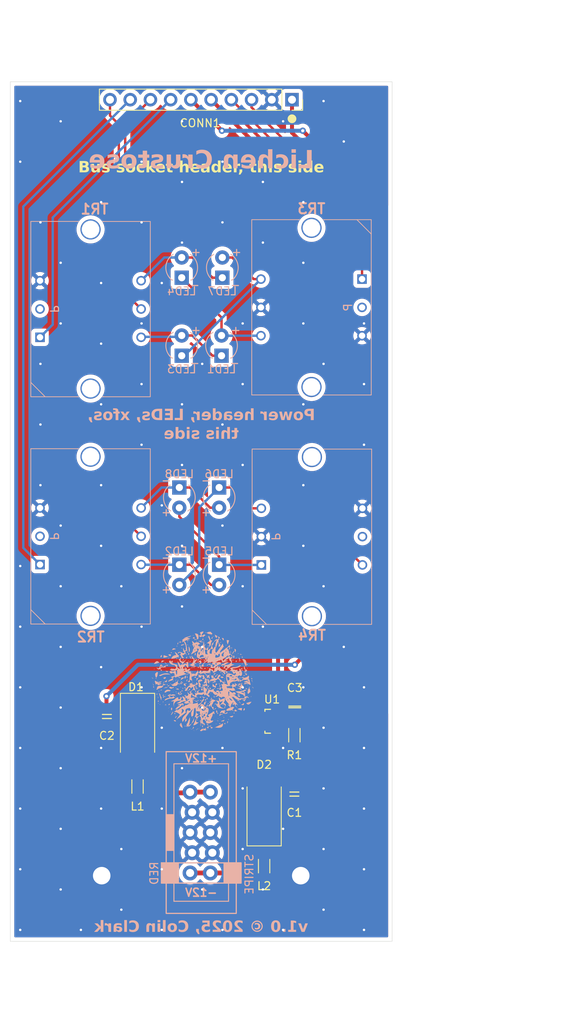
<source format=kicad_pcb>
(kicad_pcb (version 20241229) (generator "pcbnew") (generator_version "9.0")
  (title_block (title "Crustose Ring Mod and Power Board") (date "2025-11-18") (rev "1.0") (company "Lichen Community Systems"))
  (layers (0 "F.Cu" signal) (2 "B.Cu" signal) (13 "F.Paste" user) (15 "B.Paste" user) (5 "F.SilkS" user "F.Silkscreen") (7 "B.SilkS" user "B.Silkscreen") (1 "F.Mask" user) (3 "B.Mask" user) (25 "Edge.Cuts" user))
  (net 0 "")
  (net 1 "-12V")
  (net 2 "GND")
  (net 3 "+12V")
  (net 4 "-2.5V")
  (net 5 "/RM_R_SOCKET")
  (net 6 "/CARRIER_R_SOCKET")
  (net 7 "/RM_L_SOCKET")
  (net 8 "/PROGRAM_L_SOCKET")
  (net 9 "/CARRER_L_SOCKET")
  (net 10 "/PROGRAM_R_SOCKET")
  (net 11 "Net-(D1-A)")
  (net 12 "Net-(LED1-K)")
  (net 13 "Net-(LED1-A)")
  (net 14 "Net-(LED2-K)")
  (net 15 "Net-(LED2-A)")
  (net 16 "Net-(LED3-K)")
  (net 17 "Net-(LED4-A)")
  (net 18 "Net-(LED5-K)")
  (net 19 "Net-(LED6-A)")
  (net 25 "Net-(D2-K)")
  (net 26 "/Power/+12V_In")
  (net 27 "/Power/-12V_In")
  (footprint "Lichen:C_0805" (layer "F.Cu") (at 113.4 190 -90)
    (property "Reference" "C2")
    (property "Value" "10uF_0805_25V" (hide yes))
  )
  (footprint "Diode_SMD:D_SMB_Handsoldering" (layer "F.Cu") (at 133.15 201.55 90)
    (property "Reference" "D2")
    (property "Value" "Schottky" (hide yes))
  )
  (footprint "Lichen:R_0603" (layer "F.Cu") (at 136.95 192.35 90)
    (property "Reference" "R1")
    (property "Value" "470R_0603" (hide yes))
  )
  (footprint "MountingHole:MountingHole_2.2mm_M2_Pad" (layer "F.Cu") (at 137.75 210)
    (property "Reference" "H2" (hide yes))
    (property "Value" "MountingHole_Pad" (hide yes))
  )
  (footprint "Lichen:R_0603" (layer "F.Cu") (at 117.25 198.8 90)
    (property "Reference" "L1")
    (property "Value" "FerriteBead_0603_2A" (hide yes))
  )
  (footprint "Connector_PinSocket_2.54mm:PinSocket_1x10_P2.54mm_Vertical" (layer "F.Cu") (at 136.65 112.5 -90)
    (property "Reference" "CONN1")
    (property "Value" "1x10_Socket" (hide yes))
  )
  (footprint "Lichen:C_0805" (layer "F.Cu") (at 136.95 199.75 -90)
    (property "Reference" "C1")
    (property "Value" "10uF_0805_25V" (hide yes))
  )
  (footprint "Lichen:C_0603" (layer "F.Cu") (at 137 188.8 90)
    (property "Reference" "C3")
    (property "Value" "100nF_0603_50V" (hide yes))
  )
  (footprint "Diode_SMD:D_SMB_Handsoldering" (layer "F.Cu") (at 117.25 191.8 -90)
    (property "Reference" "D1")
    (property "Value" "Schottky" (hide yes))
  )
  (footprint "Lichen:R_0603" (layer "F.Cu") (at 133.15 208.8 90)
    (property "Reference" "L2")
    (property "Value" "FerriteBead_0603_2A" (hide yes))
  )
  (footprint "MountingHole:MountingHole_2.2mm_M2_Pad" (layer "F.Cu") (at 112.75 210)
    (property "Reference" "H1" (hide yes))
    (property "Value" "MountingHole_Pad" (hide yes))
  )
  (footprint "PCM_4ms_Package_SOT:SOT23-3_PO132" (layer "F.Cu") (at 133.9 190.6 90)
    (property "Reference" "U1")
    (property "Value" "LM4040-2.5" (hide yes))
  )
  (footprint "Lichen:42TM018" (layer "B.Cu") (at 105 170.912)
    (property "Reference" "TR2")
    (property "Value" "Transformer_42TM018" (hide yes))
  )
  (footprint "Lichen:42TM018" (layer "B.Cu") (at 132.8 170.956)
    (property "Reference" "TR4")
    (property "Value" "Transformer_42TM018" (hide yes))
  )
  (footprint "Lichen:LED_D3.0mm_Polarity_Indicated" (layer "B.Cu") (at 122.8 143.4 90)
    (property "Reference" "LED3")
    (property "Value" "White")
  )
  (footprint "Lichen:LED_D3.0mm_Polarity_Indicated" (layer "B.Cu") (at 122.8 133.6 90)
    (property "Reference" "LED4")
    (property "Value" "White")
  )
  (footprint "Lichen:Eurorack_Power_Shrouded_TH_Staggered" (layer "B.Cu") (at 125.25 204.58 -90)
    (property "Reference" "PWR1" (hide yes))
    (property "Value" "Eurorack_Power" (hide yes))
  )
  (footprint "Lichen:42TM018" (layer "B.Cu") (at 145.4495 135.044 180)
    (property "Reference" "TR3")
    (property "Value" "Transformer_42TM018" (hide yes))
  )
  (footprint "Lichen:42TM018" (layer "B.Cu") (at 105 142.356)
    (property "Reference" "TR1")
    (property "Value" "Transformer_42TM018" (hide yes))
  )
  (footprint "Lichen:LED_D3.0mm_Polarity_Indicated" (layer "B.Cu") (at 127.8 143.4 90)
    (property "Reference" "LED1")
    (property "Value" "White")
  )
  (footprint "Lichen:LED_D3.0mm_Polarity_Indicated" (layer "B.Cu") (at 122.5 172.2 -90)
    (property "Reference" "LED2")
    (property "Value" "White")
  )
  (footprint "Lichen:LED_D3.0mm_Polarity_Indicated" (layer "B.Cu") (at 127.9 133.6 90)
    (property "Reference" "LED7")
    (property "Value" "White")
  )
  (footprint "Lichen:LED_D3.0mm_Polarity_Indicated" (layer "B.Cu") (at 122.5 162.5 -90)
    (property "Reference" "LED8")
    (property "Value" "White")
  )
  (footprint "Lichen:LED_D3.0mm_Polarity_Indicated" (layer "B.Cu") (at 127.5 162.5 -90)
    (property "Reference" "LED6")
    (property "Value" "White")
  )
  (footprint "Lichen:LED_D3.0mm_Polarity_Indicated" (layer "B.Cu") (at 127.5 172.2 -90)
    (property "Reference" "LED5")
    (property "Value" "White")
  )
  (gr_circle (center 136.65 114.9) (end 137.15 114.9) (stroke (width 0.1)) (fill yes) (layer "F.SilkS"))
  (gr_poly (pts (xy 124.939109 184.708189) (xy 124.934718 184.704304) (xy 124.940231 184.699894)) (fill yes) (layer "B.SilkS"))
  (gr_poly (pts (xy 129.859281 184.092999) (xy 129.849359 184.072053) (xy 129.870305 184.095205)) (fill yes) (layer "B.SilkS"))
  (gr_poly (pts (xy 120.7424 188.492909) (xy 120.732478 188.651659) (xy 120.723658 188.657171)) (fill yes) (layer "B.SilkS"))
  (gr_poly (pts (xy 126.718923 179.924818) (xy 126.718354 179.925025) (xy 126.718424 179.92491) (xy 126.718525 179.924835) (xy 126.718653 179.924799) (xy 126.718807 179.924797)) (fill yes) (layer "B.SilkS"))
  (gr_poly (pts (xy 124.045503 185.004268) (xy 124.046364 185.005284) (xy 124.047247 185.006303) (xy 124.048259 185.007437) (xy 124.049271 185.008521) (xy 124.049737 185.00899) (xy 124.050154 185.009384) (xy 124.050507 185.009681) (xy 124.050654 185.009787) (xy 124.050699 185.009814) (xy 124.039045 185.011027)) (fill yes) (layer "B.SilkS"))
  (gr_poly (pts (xy 122.955542 188.373808) (xy 122.965571 188.385153) (xy 122.974859 188.396324) (xy 122.983406 188.407319) (xy 122.991212 188.418139) (xy 122.998278 188.428783) (xy 123.004603 188.439252) (xy 123.010189 188.449544) (xy 123.015036 188.459661) (xy 123.019144 188.4696) (xy 123.022514 188.479364) (xy 123.025145 188.48895) (xy 123.027039 188.498359) (xy 123.028196 188.507591) (xy 123.028616 188.516646) (xy 123.028299 188.525523) (xy 123.027247 188.534222) (xy 123.025459 188.542743) (xy 123.022936 188.551086) (xy 123.019678 188.55925) (xy 123.015685 188.567236) (xy 123.010959 188.575043) (xy 123.005499 188.582671) (xy 122.999306 188.59012) (xy 122.99238 188.597389) (xy 122.984722 188.604478) (xy 122.976332 188.611388) (xy 122.967211 188.618118) (xy 122.957358 188.624667) (xy 122.946774 188.631036) (xy 122.93546 188.637224) (xy 122.922658 188.619822) (xy 122.911536 188.602345) (xy 122.906607 188.593578) (xy 122.902098 188.584793) (xy 122.89801 188.57599) (xy 122.894343 188.567168) (xy 122.891098 188.558329) (xy 122.888275 188.549473) (xy 122.885873 188.540599) (xy 122.883894 188.531707) (xy 122.882337 188.522799) (xy 122.881202 188.513875) (xy 122.88049 188.504933) (xy 122.880201 188.495975) (xy 122.880335 188.487001) (xy 122.880893 188.478012) (xy 122.881873 188.469006) (xy 122.883278 188.459985) (xy 122.885107 188.450948) (xy 122.887359 188.441897) (xy 122.890036 188.43283) (xy 122.893137 188.423749) (xy 122.896664 188.414653) (xy 122.900615 188.405543) (xy 122.909792 188.38728) (xy 122.920672 188.368963) (xy 122.933256 188.350592)) (fill yes) (layer "B.SilkS"))
  (gr_poly (pts (xy 129.678494 188.056636) (xy 129.678535 188.058466) (xy 129.678615 188.060322) (xy 129.678746 188.062178) (xy 129.678942 188.064008) (xy 129.679068 188.064905) (xy 129.679216 188.065787) (xy 129.679386 188.066648) (xy 129.67958 188.067488) (xy 129.676402 188.068599) (xy 129.673482 188.069449) (xy 129.672119 188.069777) (xy 129.670821 188.070039) (xy 129.669587 188.070235) (xy 129.668418 188.070365) (xy 129.667313 188.070429) (xy 129.666273 188.070426) (xy 129.665298 188.070357) (xy 129.664387 188.070221) (xy 129.663541 188.070018) (xy 129.662759 188.069747) (xy 129.662042 188.06941) (xy 129.66139 188.069004) (xy 129.660802 188.068531) (xy 129.660278 188.06799) (xy 129.65982 188.06738) (xy 129.659426 188.066703) (xy 129.659096 188.065956) (xy 129.658831 188.065141) (xy 129.658631 188.064256) (xy 129.658495 188.063303) (xy 129.658424 188.06228) (xy 129.658418 188.061187) (xy 129.658476 188.060024) (xy 129.658599 188.058792) (xy 129.658786 188.057489) (xy 129.659038 188.056116) (xy 129.659736 188.053157) (xy 129.678477 188.053157)) (fill yes) (layer "B.SilkS"))
  (gr_poly (pts (xy 128.112471 189.807589) (xy 128.113468 189.807676) (xy 128.114483 189.807819) (xy 128.115516 189.808019) (xy 128.116568 189.808276) (xy 128.117639 189.808591) (xy 128.118728 189.808963) (xy 128.119836 189.809392) (xy 128.120963 189.80988) (xy 128.095855 189.817672) (xy 128.095988 189.817461) (xy 128.096668 189.816455) (xy 128.097362 189.815502) (xy 128.098071 189.814602) (xy 128.098793 189.813756) (xy 128.099531 189.812962) (xy 128.100283 189.812222) (xy 128.10105 189.811535) (xy 128.101832 189.810903) (xy 128.102629 189.810324) (xy 128.103442 189.8098) (xy 128.104271 189.80933) (xy 128.105115 189.808915) (xy 128.105976 189.808555) (xy 128.106853 189.80825) (xy 128.107747 189.808001) (xy 128.108657 189.807807) (xy 128.109585 189.807668) (xy 128.110529 189.807586) (xy 128.111491 189.807559)) (fill yes) (layer "B.SilkS"))
  (gr_poly (pts (xy 126.238605 185.334457) (xy 126.219896 185.195699) (xy 126.222703 185.199753) (xy 126.239852 185.335392)) (fill yes) (layer "B.SilkS"))
  (gr_poly (pts (xy 127.126863 180.717655) (xy 127.113022 180.703393) (xy 127.12883 180.698643) (xy 127.144227 180.693741) (xy 127.155734 180.689934)) (fill yes) (layer "B.SilkS"))
  (gr_poly (pts (xy 124.73154 180.435802) (xy 124.713901 180.440212) (xy 124.719414 180.433598)) (fill yes) (layer "B.SilkS"))
  (gr_poly (pts (xy 127.640448 180.302908) (xy 127.644892 180.303186) (xy 127.649336 180.303685) (xy 127.65378 180.304404) (xy 127.658225 180.305345) (xy 127.662669 180.306507) (xy 127.667113 180.307892) (xy 127.671557 180.309498) (xy 127.676001 180.311328) (xy 127.680445 180.313381) (xy 127.684889 180.315658) (xy 127.689334 180.318159) (xy 127.698222 180.323834) (xy 127.70711 180.33041) (xy 127.697834 180.338368) (xy 127.693216 180.341958) (xy 127.68861 180.345289) (xy 127.684017 180.348359) (xy 127.679438 180.35117) (xy 127.674871 180.353719) (xy 127.670317 180.356007) (xy 127.665776 180.358034) (xy 127.661248 180.359798) (xy 127.656732 180.361301) (xy 127.65223 180.36254) (xy 127.647741 180.363516) (xy 127.643264 180.364229) (xy 127.638801 180.364677) (xy 127.63435 180.364861) (xy 127.629912 180.36478) (xy 127.625488 180.364434) (xy 127.621076 180.363823) (xy 127.616677 180.362945) (xy 127.612291 180.361801) (xy 127.607918 180.36039) (xy 127.603558 180.358711) (xy 127.59921 180.356765) (xy 127.594876 180.354551) (xy 127.590555 180.352069) (xy 127.586246 180.349317) (xy 127.581951 180.346296) (xy 127.577668 180.343006) (xy 127.573398 180.339446) (xy 127.569141 180.335615) (xy 127.564897 180.331513) (xy 127.573786 180.324912) (xy 127.582674 180.319166) (xy 127.591562 180.31428) (xy 127.596006 180.31216) (xy 127.600451 180.310256) (xy 127.604895 180.308569) (xy 127.609339 180.307098) (xy 127.613783 180.305845) (xy 127.618227 180.304809) (xy 127.622671 180.303991) (xy 127.627116 180.303392) (xy 127.63156 180.303011) (xy 127.636004 180.302849)) (fill yes) (layer "B.SilkS"))
  (gr_poly (pts (xy 128.385696 184.296086) (xy 128.378245 184.284033) (xy 128.363293 184.260295) (xy 128.348385 184.236759) (xy 128.333656 184.213078) (xy 128.342482 184.207915) (xy 128.35105 184.203021) (xy 128.359416 184.198171) (xy 128.36354 184.195694) (xy 128.367636 184.193143) (xy 128.3734 184.222159) (xy 128.3794 184.250806) (xy 128.391338 184.305399)) (fill yes) (layer "B.SilkS"))
  (gr_poly (pts (xy 120.049522 185.697532) (xy 119.954454 185.761392) (xy 119.951959 185.758578) (xy 119.951087 185.757612) (xy 119.950371 185.756837) (xy 119.949962 185.756427) (xy 120.085059 185.673891)) (fill yes) (layer "B.SilkS"))
  (gr_poly (pts (xy 122.032276 182.047141) (xy 122.039505 182.054071) (xy 122.033916 182.059724) (xy 122.032491 182.061251) (xy 122.031793 182.062034) (xy 122.031111 182.06283) (xy 122.030448 182.06364) (xy 122.029806 182.064464) (xy 122.029191 182.065303) (xy 122.028605 182.066158)) (fill yes) (layer "B.SilkS"))
  (gr_poly (pts (xy 121.741585 185.341676) (xy 121.735365 185.335327) (xy 121.703344 185.365539) (xy 121.67084 185.393699) (xy 121.637812 185.419638) (xy 121.604218 185.443191) (xy 121.570017 185.464193) (xy 121.535165 185.482477) (xy 121.517483 185.490548) (xy 121.499623 185.497877) (xy 121.481579 185.504444) (xy 121.463347 185.510227) (xy 121.444921 185.515206) (xy 121.426296 185.519361) (xy 121.407467 185.522671) (xy 121.388428 185.525114) (xy 121.369175 185.52667) (xy 121.349702 185.527318) (xy 121.330004 185.527038) (xy 121.310076 185.525809) (xy 121.289912 185.523609) (xy 121.269507 185.52042) (xy 121.248856 185.516218) (xy 121.227955 185.510984) (xy 121.206796 185.504698) (xy 121.185376 185.497337) (xy 121.16369 185.488882) (xy 121.141731 185.479312) (xy 121.692375 185.171085)) (fill yes) (layer "B.SilkS"))
  (gr_poly (pts (xy 125.273708 183.612978) (xy 125.27466 183.61503) (xy 125.275663 183.617056) (xy 125.276692 183.619043) (xy 125.278725 183.62285) (xy 125.279677 183.624644) (xy 125.280551 183.626347) (xy 125.269526 183.621937) (xy 125.269439 183.621906) (xy 125.269382 183.621813) (xy 125.269353 183.621665) (xy 125.269352 183.621463) (xy 125.269422 183.62092) (xy 125.269578 183.620215) (xy 125.269805 183.61938) (xy 125.270088 183.618449) (xy 125.270767 183.616425) (xy 125.271497 183.614401) (xy 125.272162 183.612636) (xy 125.272834 183.610913)) (fill yes) (layer "B.SilkS"))
  (gr_poly (pts (xy 124.410292 182.373545) (xy 124.392653 182.37134) (xy 124.403677 182.354804)) (fill yes) (layer "B.SilkS"))
  (gr_poly (pts (xy 125.183723 183.985542) (xy 125.184143 183.975091) (xy 125.184911 183.965183) (xy 125.186027 183.955818) (xy 125.187491 183.946996) (xy 125.189303 183.938718) (xy 125.191463 183.930983) (xy 125.19397 183.923793) (xy 125.196824 183.917147) (xy 125.200026 183.911046) (xy 125.203574 183.905489) (xy 125.207468 183.900476) (xy 125.211709 183.896009) (xy 125.216297 183.892087) (xy 125.22123 183.888711) (xy 125.226509 183.88588) (xy 125.232134 183.883595) (xy 125.238104 183.881856) (xy 125.244419 183.880663) (xy 125.251079 183.880017) (xy 125.258084 183.879917) (xy 125.265433 183.880364) (xy 125.273127 183.881358) (xy 125.281165 183.8829) (xy 125.289548 183.884989) (xy 125.298273 183.887625) (xy 125.307343 183.890809) (xy 125.316755 183.894542) (xy 125.326511 183.898823) (xy 125.33661 183.903652) (xy 125.347052 183.90903) (xy 125.356118 183.914012) (xy 125.355743 183.913697) (xy 125.354529 183.912614) (xy 125.353314 183.911479) (xy 125.352255 183.910461) (xy 125.351221 183.909445) (xy 125.367775 183.914578) (xy 125.384432 183.919917) (xy 125.401296 183.925257) (xy 125.409837 183.927863) (xy 125.418469 183.930391) (xy 125.419572 183.930391) (xy 125.183652 183.996536)) (fill yes) (layer "B.SilkS"))
  (gr_poly (pts (xy 126.039294 182.682513) (xy 126.038818 182.687098) (xy 126.038532 182.689479) (xy 126.038202 182.691941) (xy 126.037821 182.694499) (xy 126.037379 182.697169) (xy 126.032096 182.686942) (xy 126.039702 182.678057)) (fill yes) (layer "B.SilkS"))
  (gr_poly (pts (xy 125.001304 187.216851) (xy 125.003925 187.215884) (xy 125.006623 187.21484) (xy 125.009385 187.213731) (xy 125.015052 187.211371) (xy 125.020823 187.208908) (xy 125.023441 187.212078) (xy 125.025009 187.214024) (xy 125.02536 187.2145) (xy 125.025378 187.214538) (xy 125.025365 187.21454) (xy 125.025233 187.21442) (xy 124.998774 187.217727)) (fill yes) (layer "B.SilkS"))
  (gr_poly (pts (xy 127.470975 186.413395) (xy 127.606436 186.415186) (xy 127.741071 186.417804) (xy 127.735558 186.423316)) (fill yes) (layer "B.SilkS"))
  (gr_poly (pts (xy 126.794519 180.733128) (xy 126.748875 180.822823) (xy 126.705424 180.913358) (xy 126.624159 181.089764) (xy 126.548836 181.24798) (xy 126.512814 181.315778) (xy 126.490298 181.352743) (xy 126.576788 180.963536) (xy 126.574584 180.963536) (xy 126.574584 180.9018) (xy 126.577891 180.902902) (xy 126.587261 180.88785) (xy 126.601097 180.869946) (xy 126.640857 180.82663) (xy 126.694553 180.775049) (xy 126.759568 180.717298) (xy 126.833284 180.65547) (xy 126.840653 180.649578)) (fill yes) (layer "B.SilkS"))
  (gr_poly (pts (xy 124.650945 186.272974) (xy 124.650033 186.279022) (xy 124.648587 186.285021) (xy 124.646608 186.290971) (xy 124.644096 186.296872) (xy 124.64105 186.302724) (xy 124.63747 186.308526) (xy 124.633355 186.314279) (xy 124.628707 186.319982) (xy 124.623524 186.325635) (xy 124.617806 186.331238) (xy 124.611553 186.33679) (xy 124.604766 186.342291) (xy 124.597442 186.347742) (xy 124.589584 186.353141) (xy 124.581189 186.35849) (xy 124.572259 186.363786) (xy 124.564769 186.356587) (xy 124.557803 186.34946) (xy 124.55136 186.342403) (xy 124.545441 186.335418) (xy 124.540046 186.328505) (xy 124.535175 186.321665) (xy 124.530829 186.314896) (xy 124.527008 186.3082) (xy 124.523711 186.301577) (xy 124.520939 186.295026) (xy 124.518693 186.288549) (xy 124.516972 186.282144) (xy 124.515776 186.275814) (xy 124.515107 186.269557) (xy 124.514963 186.263373) (xy 124.515346 186.257264) (xy 124.516255 186.25123) (xy 124.517691 186.245269) (xy 124.519654 186.239384) (xy 124.522144 186.233573) (xy 124.525161 186.227837) (xy 124.528705 186.222177) (xy 124.532778 186.216592) (xy 124.537378 186.211083) (xy 124.542506 186.20565) (xy 124.548162 186.200293) (xy 124.554347 186.195012) (xy 124.56106 186.189807) (xy 124.568303 186.18468) (xy 124.576074 186.179629) (xy 124.584375 186.174655) (xy 124.593205 186.169759) (xy 124.600795 186.176558) (xy 124.607855 186.183311) (xy 124.614385 186.190018) (xy 124.620385 186.19668) (xy 124.625854 186.203296) (xy 124.630793 186.209865) (xy 124.6352 186.216389) (xy 124.639077 186.222865) (xy 124.642422 186.229295) (xy 124.645236 186.235677) (xy 124.647518 186.242013) (xy 124.649268 186.248301) (xy 124.650486 186.254541) (xy 124.651171 186.260733) (xy 124.651325 186.266878)) (fill yes) (layer "B.SilkS"))
  (gr_poly (pts (xy 122.364957 182.770852) (xy 122.372674 182.752112) (xy 122.374486 182.752438) (xy 122.376202 182.752797) (xy 122.37782 182.753188) (xy 122.379343 182.753612) (xy 122.380769 182.75407) (xy 122.3821 182.754561) (xy 122.383334 182.755085) (xy 122.384474 182.755643) (xy 122.385518 182.756235) (xy 122.386467 182.756861) (xy 122.387321 182.757521) (xy 122.38808 182.758216) (xy 122.388745 182.758946) (xy 122.389316 182.75971) (xy 122.389793 182.76051) (xy 122.390175 182.761345) (xy 122.390464 182.762215) (xy 122.39066 182.763121) (xy 122.390762 182.764063) (xy 122.390772 182.765042) (xy 122.390688 182.766056) (xy 122.390512 182.767107) (xy 122.390243 182.768195) (xy 122.389882 182.76932) (xy 122.389429 182.770482) (xy 122.388885 182.771681) (xy 122.388248 182.772918) (xy 122.38752 182.774193) (xy 122.386701 182.775505) (xy 122.385791 182.776856) (xy 122.38479 182.778245) (xy 122.383699 182.779673)) (fill yes) (layer "B.SilkS"))
  (gr_poly (pts (xy 125.08227 183.53106) (xy 125.091339 183.537936) (xy 125.09984 183.544779) (xy 125.107773 183.551589) (xy 125.115136 183.558367) (xy 125.121932 183.56511) (xy 125.128159 183.571821) (xy 125.133817 183.578498) (xy 125.138907 183.58514) (xy 125.143429 183.591749) (xy 125.147382 183.598324) (xy 125.150767 183.604863) (xy 125.153583 183.611368) (xy 125.155831 183.617839) (xy 125.157511 183.624274) (xy 125.158622 183.630674) (xy 125.159164 183.637038) (xy 125.159139 183.643366) (xy 125.158544 183.649659) (xy 125.157382 183.655915) (xy 125.15565 183.662135) (xy 125.153351 183.668319) (xy 125.150483 183.674466) (xy 125.147046 183.680576) (xy 125.143041 183.686649) (xy 125.138468 183.692684) (xy 125.133326 183.698682) (xy 125.127616 183.704642) (xy 125.121337 183.710564) (xy 125.11449 183.716448) (xy 125.107075 183.722294) (xy 125.099091 183.728101) (xy 125.091255 183.723198) (xy 125.083872 183.718204) (xy 125.076941 183.71312) (xy 125.070462 183.707943) (xy 125.064435 183.702674) (xy 125.058861 183.697313) (xy 125.053738 183.691859) (xy 125.049068 183.686312) (xy 125.04485 183.680671) (xy 125.041084 183.674936) (xy 125.03777 183.669107) (xy 125.034909 183.663182) (xy 125.032499 183.657163) (xy 125.030542 183.651048) (xy 125.029037 183.644836) (xy 125.027984 183.638528) (xy 125.027383 183.632124) (xy 125.027235 183.625622) (xy 125.027538 183.619022) (xy 125.028294 183.612324) (xy 125.029502 183.605528) (xy 125.031162 183.598632) (xy 125.033274 183.591638) (xy 125.035839 183.584544) (xy 125.038856 183.577349) (xy 125.042324 183.570054) (xy 125.046245 183.562658) (xy 125.050618 183.555161) (xy 125.055444 183.547562) (xy 125.060721 183.539861) (xy 125.066451 183.532058) (xy 125.072633 183.524151)) (fill yes) (layer "B.SilkS"))
  (gr_poly (pts (xy 130.636951 185.151775) (xy 130.317246 185.168311) (xy 130.327972 185.153974) (xy 130.338653 185.140523) (xy 130.349288 185.127957) (xy 130.359879 185.116277) (xy 130.370424 185.105484) (xy 130.380924 185.095578) (xy 130.391379 185.086559) (xy 130.401788 185.078429) (xy 130.412153 185.071186) (xy 130.422472 185.064832) (xy 130.432746 185.059367) (xy 130.442974 185.054791) (xy 130.453158 185.051105) (xy 130.463296 185.048309) (xy 130.473389 185.046404) (xy 130.483437 185.04539) (xy 130.49344 185.045267) (xy 130.503397 185.046037) (xy 130.513309 185.047698) (xy 130.523176 185.050252) (xy 130.532998 185.053699) (xy 130.542775 185.058039) (xy 130.552506 185.063274) (xy 130.562192 185.069402) (xy 130.571833 185.076425) (xy 130.581429 185.084344) (xy 130.590979 185.093157) (xy 130.600484 185.102867) (xy 130.609944 185.113473) (xy 130.619359 185.124975) (xy 130.628729 185.137375) (xy 130.638053 185.150672)) (fill yes) (layer "B.SilkS"))
  (gr_poly (pts (xy 123.73194 188.869877) (xy 123.742033 188.873781) (xy 123.752216 188.877548) (xy 123.762552 188.881142) (xy 123.766511 188.882411) (xy 123.757136 188.886734) (xy 123.735752 188.896842) (xy 123.693736 188.917043) (xy 123.691201 188.853629)) (fill yes) (layer "B.SilkS"))
  (gr_poly (pts (xy 128.585809 189.556382) (xy 128.585669 189.559549) (xy 128.585451 189.562639) (xy 128.585169 189.565665) (xy 128.584835 189.568638) (xy 128.584462 189.571573) (xy 128.583652 189.577378) (xy 128.582464 189.576345) (xy 128.581269 189.575285) (xy 128.579932 189.574071) (xy 128.578646 189.572856) (xy 128.578083 189.572298) (xy 128.577606 189.571797) (xy 128.577239 189.571374) (xy 128.577005 189.571048) (xy 128.576947 189.570927) (xy 128.57693 189.570838) (xy 128.57696 189.570782) (xy 128.577038 189.570763) (xy 128.578231 189.568694) (xy 128.579346 189.566612) (xy 128.58041 189.564504) (xy 128.581448 189.562358) (xy 128.58355 189.557896) (xy 128.584665 189.555556) (xy 128.585858 189.553124)) (fill yes) (layer "B.SilkS"))
  (gr_poly (pts (xy 121.18986 183.485608) (xy 121.189819 183.483778) (xy 121.189739 183.481922) (xy 121.189608 183.480066) (xy 121.189412 183.478236) (xy 121.189286 183.477339) (xy 121.189138 183.476457) (xy 121.188968 183.475596) (xy 121.188774 183.474756) (xy 121.191952 183.473645) (xy 121.194872 183.472795) (xy 121.196235 183.472467) (xy 121.197533 183.472205) (xy 121.198767 183.472009) (xy 121.199936 183.471879) (xy 121.201041 183.471815) (xy 121.202081 183.471818) (xy 121.203056 183.471887) (xy 121.203967 183.472023) (xy 121.204813 183.472226) (xy 121.205595 183.472497) (xy 121.206312 183.472834) (xy 121.206964 183.47324) (xy 121.207552 183.473713) (xy 121.208076 183.474254) (xy 121.208534 183.474864) (xy 121.208928 183.475541) (xy 121.209258 183.476288) (xy 121.209523 183.477103) (xy 121.209723 183.477988) (xy 121.209859 183.478941) (xy 121.20993 183.479964) (xy 121.209936 183.481057) (xy 121.209878 183.48222) (xy 121.209755 183.483452) (xy 121.209568 183.484755) (xy 121.209316 183.486128) (xy 121.208618 183.489087) (xy 121.189877 183.489087)) (fill yes) (layer "B.SilkS"))
  (gr_poly (pts (xy 122.66107 183.504742) (xy 122.661035 183.510737) (xy 122.654455 183.512459)) (fill yes) (layer "B.SilkS"))
  (gr_poly (pts (xy 122.579375 182.846928) (xy 122.573863 182.840314) (xy 122.583204 182.83443)) (fill yes) (layer "B.SilkS"))
  (gr_poly (pts (xy 124.538998 187.146887) (xy 124.526708 187.142724) (xy 124.501893 187.13479) (xy 124.476974 187.127256) (xy 124.452204 187.119974) (xy 124.452299 187.119994) (xy 124.452563 187.120031) (xy 124.452749 187.120045) (xy 124.452965 187.120051) (xy 124.453208 187.120043) (xy 124.453474 187.120018) (xy 124.453759 187.11997) (xy 124.454059 187.119897) (xy 124.45437 187.119794) (xy 124.454529 187.119729) (xy 124.454688 187.119655) (xy 124.454849 187.119571) (xy 124.45501 187.119477) (xy 124.455171 187.119373) (xy 124.455332 187.119256) (xy 124.455491 187.119128) (xy 124.455649 187.118987) (xy 124.455805 187.118834) (xy 124.455958 187.118666) (xy 124.55468 187.14642) (xy 124.551168 187.151206)) (fill yes) (layer "B.SilkS"))
  (gr_poly (pts (xy 124.767227 186.520263) (xy 124.767276 186.520289) (xy 124.767294 186.520331) (xy 124.767281 186.520389) (xy 124.767233 186.520464) (xy 124.767149 186.520558) (xy 124.763478 186.525106) (xy 124.76274 186.526043) (xy 124.76274 186.521661) (xy 124.763583 186.521333) (xy 124.764425 186.521021) (xy 124.765358 186.520696) (xy 124.766238 186.520423) (xy 124.766615 186.520325) (xy 124.766925 186.520265) (xy 124.767151 186.520251)) (fill yes) (layer "B.SilkS"))
  (gr_poly (pts (xy 130.125954 183.049335) (xy 130.135876 182.890585) (xy 130.144696 182.885073)) (fill yes) (layer "B.SilkS"))
  (gr_poly (pts (xy 125.088748 179.431703) (xy 125.093158 179.425089) (xy 125.094511 179.429679)) (fill yes) (layer "B.SilkS"))
  (gr_poly (pts (xy 124.355751 183.828505) (xy 124.35892 183.828874) (xy 124.361978 183.829499) (xy 124.364927 183.830379) (xy 124.367766 183.831514) (xy 124.370495 183.832905) (xy 124.373114 183.83455) (xy 124.375624 183.836449) (xy 124.378024 183.838603) (xy 124.380314 183.841011) (xy 124.382494 183.843673) (xy 124.384564 183.846588) (xy 124.386525 183.849758) (xy 124.388375 183.85318) (xy 124.390116 183.856856) (xy 124.391747 183.860784) (xy 124.393268 183.864966) (xy 124.39468 183.869399) (xy 124.395981 183.874086) (xy 124.397173 183.879024) (xy 124.388091 183.883352) (xy 124.379448 183.886829) (xy 124.375291 183.888249) (xy 124.371244 183.889457) (xy 124.367307 183.890453) (xy 124.36348 183.891237) (xy 124.359763 183.891809) (xy 124.356155 183.89217) (xy 124.352657 183.89232) (xy 124.349269 183.892259) (xy 124.345991 183.891988) (xy 124.342822 183.891506) (xy 124.339764 183.890813) (xy 124.336815 183.88991) (xy 124.333976 183.888798) (xy 124.331247 183.887475) (xy 124.328627 183.885943) (xy 124.326118 183.884202) (xy 124.323718 183.882252) (xy 124.321428 183.880093) (xy 124.319248 183.877725) (xy 124.317178 183.875148) (xy 124.315217 183.872363) (xy 124.313367 183.86937) (xy 124.311626 183.866169) (xy 124.309995 183.862761) (xy 124.308473 183.859145) (xy 124.307062 183.855321) (xy 124.30576 183.851291) (xy 124.304569 183.847053) (xy 124.313651 183.841369) (xy 124.318027 183.838913) (xy 124.322294 183.836716) (xy 124.32645 183.834776) (xy 124.330497 183.833093) (xy 124.334435 183.831668) (xy 124.338262 183.8305) (xy 124.341979 183.829588) (xy 124.345587 183.828933) (xy 124.349085 183.828534) (xy 124.352473 183.828392)) (fill yes) (layer "B.SilkS"))
  (gr_poly (pts (xy 126.027131 182.692454) (xy 126.027117 182.692478) (xy 126.029322 182.681454)) (fill yes) (layer "B.SilkS"))
  (gr_poly (pts (xy 122.318996 180.716664) (xy 122.329459 180.745654) (xy 122.337799 180.772474) (xy 122.344016 180.797124) (xy 122.348108 180.819603) (xy 122.350073 180.839912) (xy 122.350258 180.849253) (xy 122.34991 180.858051) (xy 122.34903 180.866306) (xy 122.347617 180.874019) (xy 122.345671 180.881189) (xy 122.343191 180.887816) (xy 122.340179 180.893901) (xy 122.336633 180.899443) (xy 122.332554 180.904443) (xy 122.32794 180.9089) (xy 122.322792 180.912815) (xy 122.31711 180.916187) (xy 122.310894 180.919016) (xy 122.304142 180.921302) (xy 122.296856 180.923047) (xy 122.289035 180.924248) (xy 122.280678 180.924907) (xy 122.271786 180.925023) (xy 122.262358 180.924597) (xy 122.252394 180.923628) (xy 122.310482 180.695579)) (fill yes) (layer "B.SilkS"))
  (gr_poly (pts (xy 128.088509 187.481969) (xy 128.08847 187.481967) (xy 128.089611 187.481993)) (fill yes) (layer "B.SilkS"))
  (gr_poly (pts (xy 123.598852 184.175378) (xy 123.60183 184.175756) (xy 123.604845 184.176397) (xy 123.607896 184.177301) (xy 123.610985 184.178468) (xy 123.614111 184.179898) (xy 123.617274 184.181591) (xy 123.620474 184.183549) (xy 123.623712 184.185769) (xy 123.626989 184.188254) (xy 123.630303 184.191004) (xy 123.633656 184.194017) (xy 123.637047 184.197296) (xy 123.618995 184.223616) (xy 123.610227 184.236518) (xy 123.601769 184.24911) (xy 123.58463 184.24079) (xy 123.570488 184.233814) (xy 123.558206 184.227871) (xy 123.552408 184.22519) (xy 123.546648 184.222651) (xy 123.548938 184.21782) (xy 123.55126 184.213246) (xy 123.553615 184.208932) (xy 123.556003 184.204877) (xy 123.558425 184.201081) (xy 123.560879 184.197544) (xy 123.563367 184.194267) (xy 123.565889 184.191249) (xy 123.568444 184.188492) (xy 123.571034 184.185995) (xy 123.573658 184.183758) (xy 123.576317 184.181782) (xy 123.57901 184.180066) (xy 123.581738 184.178612) (xy 123.584501 184.177419) (xy 123.5873 184.176487) (xy 123.590134 184.175817) (xy 123.593004 184.175408) (xy 123.59591 184.175262)) (fill yes) (layer "B.SilkS"))
  (gr_poly (pts (xy 120.93655 185.43178) (xy 120.941971 185.43269) (xy 120.947496 185.434167) (xy 120.953125 185.436211) (xy 120.958859 185.438823) (xy 120.964698 185.442002) (xy 120.97064 185.44575) (xy 120.976686 185.450065) (xy 120.982835 185.454948) (xy 120.841506 185.566361) (xy 120.844217 185.554809) (xy 120.850455 185.532344) (xy 120.857129 185.512131) (xy 120.864238 185.494171) (xy 120.871779 185.478464) (xy 120.875712 185.471457) (xy 120.879752 185.465014) (xy 120.883899 185.459136) (xy 120.888154 185.453822) (xy 120.892515 185.449073) (xy 120.896983 185.444889) (xy 120.901558 185.44127) (xy 120.90624 185.438216) (xy 120.911027 185.435728) (xy 120.915921 185.433806) (xy 120.92092 185.43245) (xy 120.926025 185.43166) (xy 120.931235 185.431437)) (fill yes) (layer "B.SilkS"))
  (gr_poly (pts (xy 123.878479 187.911494) (xy 123.877808 187.91115) (xy 123.877142 187.910796) (xy 123.876412 187.910392) (xy 123.875734 187.909987) (xy 123.875451 187.909801) (xy 123.875224 187.909634) (xy 123.875068 187.909493) (xy 123.875021 187.909434) (xy 123.874998 187.909384) (xy 123.874999 187.909344) (xy 123.875028 187.909314) (xy 123.875085 187.909296) (xy 123.875172 187.909289) (xy 123.879296 187.90835)) (fill yes) (layer "B.SilkS"))
  (gr_poly (pts (xy 122.282545 181.985862) (xy 122.282685 181.982695) (xy 122.282903 181.979605) (xy 122.283185 181.976579) (xy 122.283519 181.973606) (xy 122.283892 181.970671) (xy 122.284702 181.964866) (xy 122.28589 181.965899) (xy 122.287085 181.966959) (xy 122.288422 181.968173) (xy 122.289708 181.969388) (xy 122.290271 181.969946) (xy 122.290748 181.970447) (xy 122.291115 181.97087) (xy 122.291349 181.971196) (xy 122.291407 181.971317) (xy 122.291424 181.971406) (xy 122.291394 181.971462) (xy 122.291316 181.971481) (xy 122.290123 181.97355) (xy 122.289008 181.975632) (xy 122.287944 181.97774) (xy 122.286906 181.979886) (xy 122.284804 181.984348) (xy 122.283689 181.986688) (xy 122.282496 181.98912)) (fill yes) (layer "B.SilkS"))
  (gr_poly (pts (xy 120.798193 186.263003) (xy 120.797316 186.261481) (xy 120.798418 186.261481)) (fill yes) (layer "B.SilkS"))
  (gr_poly (pts (xy 126.458062 189.168699) (xy 126.475701 189.170904) (xy 126.464677 189.18744)) (fill yes) (layer "B.SilkS"))
  (gr_poly (pts (xy 126.63771 179.611658) (xy 126.633868 179.623372) (xy 126.6277 179.635637) (xy 126.619034 179.648494) (xy 126.607699 179.661983) (xy 126.593525 179.676145) (xy 126.57634 179.69102) (xy 126.557358 179.705587) (xy 126.551051 179.699967) (xy 126.542123 179.694702) (xy 126.530931 179.689902) (xy 126.502395 179.681432) (xy 126.466711 179.674024) (xy 126.277885 179.644362) (xy 126.225503 179.634274) (xy 126.173589 179.622051) (xy 126.123413 179.60716) (xy 126.099373 179.598547) (xy 126.076243 179.589068) (xy 126.054183 179.578656) (xy 126.03335 179.567243) (xy 126.013904 179.554764) (xy 125.996003 179.541151) (xy 125.979805 179.526339) (xy 125.96547 179.51026) (xy 125.953156 179.492848) (xy 125.943022 179.474036) (xy 125.974596 179.454658) (xy 126.006478 179.437036) (xy 126.038667 179.421171) (xy 126.071162 179.407064) (xy 126.10396 179.394713) (xy 126.13706 179.384119) (xy 126.170461 179.375283) (xy 126.20416 179.368203) (xy 126.238156 179.36288) (xy 126.272448 179.359315) (xy 126.307034 179.357506) (xy 126.341912 179.357454) (xy 126.377081 179.35916) (xy 126.412539 179.362622) (xy 126.448284 179.367841) (xy 126.484315 179.374818) (xy 126.4777 179.379227) (xy 126.476458 179.390351) (xy 126.477162 179.401011) (xy 126.479644 179.411249) (xy 126.483732 179.421105) (xy 126.489254 179.430619) (xy 126.49604 179.439832) (xy 126.503919 179.448784) (xy 126.51272 179.457517) (xy 126.532404 179.474486) (xy 126.553723 179.491062) (xy 126.575311 179.50757) (xy 126.595798 179.524335) (xy 126.605203 179.532915) (xy 126.613819 179.541681) (xy 126.621476 179.550674) (xy 126.628004 179.559933) (xy 126.63323 179.569501) (xy 126.636985 179.579416) (xy 126.639098 179.58972) (xy 126.639396 179.600454)) (fill yes) (layer "B.SilkS"))
  (gr_poly (pts (xy 125.818095 186.637966) (xy 125.862744 186.677792) (xy 125.885068 186.697963) (xy 125.907392 186.718444) (xy 125.809276 186.633557)) (fill yes) (layer "B.SilkS"))
  (gr_poly (pts (xy 128.203246 185.252868) (xy 128.20106 185.252562) (xy 128.198906 185.252092) (xy 128.196784 185.251458) (xy 128.194694 185.250659) (xy 128.192637 185.249696) (xy 128.190612 185.24857) (xy 128.188619 185.247279) (xy 128.186658 185.245825) (xy 128.18473 185.244208) (xy 128.182834 185.242428) (xy 128.180971 185.240484) (xy 128.179139 185.238378) (xy 128.17734 185.23611) (xy 128.175574 185.233679) (xy 128.173839 185.231086) (xy 128.172137 185.228331) (xy 128.170467 185.225415) (xy 128.172938 185.222224) (xy 128.17539 185.219265) (xy 128.177822 185.216539) (xy 128.180234 185.214044) (xy 128.182628 185.211781) (xy 128.185002 185.20975) (xy 128.187356 185.20795) (xy 128.189691 185.206381) (xy 128.192007 185.205043) (xy 128.194303 185.203936) (xy 128.19658 185.203059) (xy 128.198838 185.202413) (xy 128.201076 185.201996) (xy 128.203295 185.20181) (xy 128.205494 185.201853) (xy 128.207675 185.202126) (xy 128.209835 185.202628) (xy 128.211977 185.20336) (xy 128.214099 185.20432) (xy 128.216201 185.205509) (xy 128.218284 185.206926) (xy 128.220348 185.208572) (xy 128.222393 185.210446) (xy 128.224418 185.212548) (xy 128.226423 185.214877) (xy 128.22841 185.217434) (xy 128.230377 185.220218) (xy 128.232324 185.22323) (xy 128.234252 185.226468) (xy 128.236161 185.229933) (xy 128.23805 185.233624) (xy 128.23992 185.237542) (xy 128.237249 185.239732) (xy 128.234611 185.241754) (xy 128.232004 185.243608) (xy 128.22943 185.245295) (xy 128.226888 185.246815) (xy 128.224379 185.248169) (xy 128.221902 185.249355) (xy 128.219457 185.250375) (xy 128.217044 185.251228) (xy 128.214664 185.251916) (xy 128.212316 185.252437) (xy 128.21 185.252793) (xy 128.207716 185.252983) (xy 128.205465 185.253008)) (fill yes) (layer "B.SilkS"))
  (gr_poly (pts (xy 122.543337 187.577931) (xy 122.528898 187.577203) (xy 122.534089 187.571388)) (fill yes) (layer "B.SilkS"))
  (gr_poly (pts (xy 121.106184 186.189245) (xy 121.097055 186.18855) (xy 121.087792 186.18727) (xy 121.078396 186.185405) (xy 121.068866 186.182955) (xy 121.059201 186.179921) (xy 121.049402 186.176303) (xy 121.039469 186.172102) (xy 121.0294 186.167318) (xy 121.019197 186.161952) (xy 121.008858 186.156003) (xy 120.998384 186.149472) (xy 120.993974 186.145063) (xy 121.267377 186.067893) (xy 121.261008 186.079585) (xy 121.254509 186.090683) (xy 121.247881 186.101187) (xy 121.241123 186.111099) (xy 121.234235 186.120417) (xy 121.227217 186.129144) (xy 121.220069 186.137278) (xy 121.21279 186.144822) (xy 121.20538 186.151774) (xy 121.197839 186.158135) (xy 121.190166 186.163907) (xy 121.182363 186.169088) (xy 121.174428 186.17368) (xy 121.166361 186.177683) (xy 121.158162 186.181097) (xy 121.14983 186.183923) (xy 121.141367 186.186162) (xy 121.13277 186.187813) (xy 121.124041 186.188876) (xy 121.115179 186.189354)) (fill yes) (layer "B.SilkS"))
  (gr_poly (pts (xy 129.977564 186.959703) (xy 129.933391 186.956674) (xy 129.889049 186.951731) (xy 129.844529 186.944791) (xy 129.799825 186.935774) (xy 129.754929 186.924596) (xy 129.709833 186.911177) (xy 129.664531 186.895434) (xy 129.619013 186.877286) (xy 129.573274 186.856651) (xy 129.527305 186.833447) (xy 129.589706 186.830721) (xy 129.652907 186.829607) (xy 129.780853 186.830511) (xy 129.909438 186.832759) (xy 130.036958 186.83295) (xy 130.099785 186.831211) (xy 130.161705 186.827681) (xy 130.222507 186.821937) (xy 130.281977 186.813552) (xy 130.339901 186.802102) (xy 130.396067 186.787161) (xy 130.450261 186.768304) (xy 130.50227 186.745106) (xy 130.534137 186.728562) (xy 130.563994 186.712429) (xy 130.618727 186.682648) (xy 130.644129 186.669623) (xy 130.668573 186.658258) (xy 130.69232 186.648866) (xy 130.704015 186.645007) (xy 130.715635 186.641758) (xy 130.727212 186.639158) (xy 130.73878 186.637246) (xy 130.750371 186.636062) (xy 130.762018 186.635643) (xy 130.773754 186.636029) (xy 130.785612 186.63726) (xy 130.797625 186.639374) (xy 130.809826 186.64241) (xy 130.822247 186.646407) (xy 130.834922 186.651405) (xy 130.847883 186.657441) (xy 130.861163 186.664556) (xy 130.874795 186.672788) (xy 130.888813 186.682176) (xy 130.903248 186.692759) (xy 130.918134 186.704577) (xy 130.921722 186.707576) (xy 130.752276 186.780122) (xy 130.667424 186.814562) (xy 130.582406 186.846908) (xy 130.497161 186.876504) (xy 130.411629 186.902697) (xy 130.325751 186.924833) (xy 130.239465 186.942255) (xy 130.152712 186.954311) (xy 130.065432 186.960345)) (fill yes) (layer "B.SilkS"))
  (gr_poly (pts (xy 129.992686 182.989328) (xy 129.994975 182.956328) (xy 129.996953 182.923313) (xy 130.000394 182.857256) (xy 130.010303 182.857752) (xy 129.993787 182.989382)) (fill yes) (layer "B.SilkS"))
  (gr_poly (pts (xy 126.354765 184.757103) (xy 126.35553 184.754325) (xy 126.35697 184.758206)) (fill yes) (layer "B.SilkS"))
  (gr_poly (pts (xy 128.156854 185.805315) (xy 128.15674 185.805308) (xy 128.156607 185.805335) (xy 128.156455 185.805394) (xy 128.156287 185.805484) (xy 128.156104 185.805602) (xy 128.155699 185.805911) (xy 128.155252 185.806302) (xy 128.154778 185.806758) (xy 128.154289 185.80726) (xy 128.153796 185.807788) (xy 128.152855 185.80885) (xy 128.152056 185.809794) (xy 128.151294 185.810729) (xy 128.142919 185.802585) (xy 128.134437 185.794473) (xy 128.117306 185.778396) (xy 128.083454 185.747224) (xy 128.08979 185.740991) (xy 128.106419 185.757286) (xy 128.123112 185.7735) (xy 128.139933 185.789552) (xy 128.148412 185.797491) (xy 128.156946 185.80536)) (fill yes) (layer "B.SilkS"))
  (gr_poly (pts (xy 127.099471 188.439995) (xy 127.099358 188.439976) (xy 127.099227 188.43992) (xy 127.09908 188.439831) (xy 127.098918 188.43971) (xy 127.098553 188.439384) (xy 127.098145 188.438961) (xy 127.097704 188.43846) (xy 127.097243 188.437902) (xy 127.096302 188.436687) (xy 127.095412 188.435473) (xy 127.094665 188.434413) (xy 127.093959 188.43338) (xy 127.109393 188.426764)) (fill yes) (layer "B.SilkS"))
  (gr_poly (pts (xy 124.195897 190.175755) (xy 124.195464 190.179105) (xy 124.194811 190.182433) (xy 124.193939 190.185737) (xy 124.192848 190.189018) (xy 124.191536 190.192276) (xy 124.190006 190.195509) (xy 124.188255 190.198719) (xy 124.186285 190.201904) (xy 124.184095 190.205065) (xy 124.181686 190.208202) (xy 124.179057 190.211313) (xy 124.176208 190.2144) (xy 124.17314 190.217461) (xy 124.169852 190.220497) (xy 124.166344 190.223507) (xy 124.160544 190.215911) (xy 124.155544 190.208419) (xy 124.153345 190.204714) (xy 124.151345 190.201035) (xy 124.149546 190.197383) (xy 124.147948 190.193758) (xy 124.146549 190.190161) (xy 124.145351 190.186592) (xy 124.144353 190.18305) (xy 124.143555 190.179537) (xy 124.142958 190.176051) (xy 124.14256 190.172594) (xy 124.142363 190.169166) (xy 124.142367 190.165767) (xy 124.14257 190.162397) (xy 124.142974 190.159056) (xy 124.143578 190.155744) (xy 124.144382 190.152462) (xy 124.145386 190.14921) (xy 124.146591 190.145989) (xy 124.147996 190.142797) (xy 124.149601 190.139636) (xy 124.151407 190.136506) (xy 124.153412 190.133406) (xy 124.155618 190.130338) (xy 124.158024 190.1273) (xy 124.160631 190.124295) (xy 124.163438 190.121321) (xy 124.166445 190.118379) (xy 124.169652 190.115469) (xy 124.172953 190.11918) (xy 124.176034 190.122871) (xy 124.178895 190.126543) (xy 124.181537 190.130194) (xy 124.18396 190.133826) (xy 124.186162 190.137437) (xy 124.188145 190.141027) (xy 124.189909 190.144597) (xy 124.191452 190.148145) (xy 124.192777 190.151673) (xy 124.193881 190.155179) (xy 124.194766 190.158663) (xy 124.195432 190.162126) (xy 124.195877 190.165567) (xy 124.196103 190.168985) (xy 124.19611 190.172381)) (fill yes) (layer "B.SilkS"))
  (gr_poly (pts (xy 126.066482 187.273367) (xy 126.063183 187.26747) (xy 126.07038 187.262744)) (fill yes) (layer "B.SilkS"))
  (gr_poly (pts (xy 123.567493 181.945713) (xy 123.567495 181.945732) (xy 123.567494 181.945861) (xy 123.567487 181.945914) (xy 123.567477 181.945957) (xy 123.567461 181.94599) (xy 123.567441 181.946011) (xy 123.567415 181.946019) (xy 123.567383 181.946013) (xy 123.567345 181.945992) (xy 123.567301 181.945955) (xy 123.567249 181.945901) (xy 123.56719 181.945829) (xy 123.567124 181.945737) (xy 123.567049 181.945624)) (fill yes) (layer "B.SilkS"))
  (gr_poly (pts (xy 123.377705 183.165799) (xy 123.377391 183.169017) (xy 123.376839 183.172278) (xy 123.376047 183.17558) (xy 123.375016 183.178924) (xy 123.373746 183.18231) (xy 123.372235 183.185737) (xy 123.370484 183.189206) (xy 123.368491 183.192715) (xy 123.366257 183.196265) (xy 123.363782 183.199856) (xy 123.361064 183.203487) (xy 123.358103 183.207158) (xy 123.3549 183.210869) (xy 123.351453 183.21462) (xy 123.347762 183.218411) (xy 123.343827 183.22224) (xy 123.339647 183.226109) (xy 123.335222 183.230017) (xy 123.333017 183.227813) (xy 123.35727 183.125287) (xy 123.360254 183.127893) (xy 123.363006 183.130545) (xy 123.365524 183.133241) (xy 123.367808 183.135982) (xy 123.369858 183.138767) (xy 123.371673 183.141596) (xy 123.373254 183.14447) (xy 123.374599 183.147387) (xy 123.375708 183.150348) (xy 123.376582 183.153352) (xy 123.377218 183.156399) (xy 123.377618 183.15949) (xy 123.37778 183.162623)) (fill yes) (layer "B.SilkS"))
  (gr_poly (pts (xy 124.939257 184.699226) (xy 124.93391 184.703702) (xy 124.932304 184.696213)) (fill yes) (layer "B.SilkS"))
  (gr_poly (pts (xy 130.72227 185.904239) (xy 130.720351 185.900647) (xy 130.718913 185.898041) (xy 130.720683 185.898367) (xy 130.725127 185.899036) (xy 130.727346 185.899301) (xy 130.729565 185.899514) (xy 130.729593 185.899669) (xy 130.729585 185.899852) (xy 130.729545 185.900063) (xy 130.729473 185.900299) (xy 130.729247 185.900837) (xy 130.728925 185.901448) (xy 130.728525 185.902114) (xy 130.728065 185.902816) (xy 130.727564 185.903537) (xy 130.727038 185.90426) (xy 130.725987 185.905634) (xy 130.725058 185.906794) (xy 130.724142 185.907895)) (fill yes) (layer "B.SilkS"))
  (gr_poly (pts (xy 121.602511 189.081394) (xy 121.602405 189.081378) (xy 121.602398 189.081376)) (fill yes) (layer "B.SilkS"))
  (gr_poly (pts (xy 129.551187 183.787633) (xy 129.534762 183.790604) (xy 129.541036 183.784308)) (fill yes) (layer "B.SilkS"))
  (gr_poly (pts (xy 124.073835 190.809116) (xy 124.119479 190.719421) (xy 124.16293 190.628886) (xy 124.244195 190.45248) (xy 124.319518 190.294264) (xy 124.35554 190.226466) (xy 124.378056 190.189501) (xy 124.291566 190.578708) (xy 124.29377 190.578708) (xy 124.29377 190.640444) (xy 124.290463 190.639342) (xy 124.281093 190.654394) (xy 124.267257 190.672298) (xy 124.227497 190.715614) (xy 124.173801 190.767195) (xy 124.108786 190.824946) (xy 124.03507 190.886774) (xy 124.027701 190.892666)) (fill yes) (layer "B.SilkS"))
  (gr_poly (pts (xy 131.393481 186.021723) (xy 131.377396 186.017315) (xy 131.359225 186.009548) (xy 131.339156 185.998853) (xy 131.132984 185.85962) (xy 131.075704 185.825703) (xy 131.047244 185.81125) (xy 131.019156 185.79904) (xy 130.991629 185.789505) (xy 130.964853 185.783076) (xy 130.939015 185.780185) (xy 130.920632 185.780986) (xy 130.929276 185.759849) (xy 130.939525 185.733718) (xy 130.959507 185.680939) (xy 130.962814 185.690861) (xy 131.32864 185.583074) (xy 131.378583 185.725293) (xy 131.413124 185.839153) (xy 131.424333 185.884366) (xy 131.431752 185.922341) (xy 131.435572 185.95351) (xy 131.43598 185.978303) (xy 131.433167 185.997152) (xy 131.427322 186.010487) (xy 131.418633 186.01874) (xy 131.407289 186.022342)) (fill yes) (layer "B.SilkS"))
  (gr_poly (pts (xy 124.82906 188.859731) (xy 124.829536 188.855146) (xy 124.829822 188.852765) (xy 124.830152 188.850303) (xy 124.830533 188.847745) (xy 124.830975 188.845075) (xy 124.836258 188.855302) (xy 124.828652 188.864187)) (fill yes) (layer "B.SilkS"))
  (gr_poly (pts (xy 127.019578 181.395214) (xy 127.019214 181.403069) (xy 127.013702 181.395352) (xy 127.019584 181.395054)) (fill yes) (layer "B.SilkS"))
  (gr_poly (pts (xy 123.224246 181.867688) (xy 123.205634 181.863375) (xy 123.18956 181.858692) (xy 123.175895 181.853659) (xy 123.164507 181.848295) (xy 123.155263 181.842618) (xy 123.148034 181.836648) (xy 123.142688 181.830403) (xy 123.139094 181.823903) (xy 123.13712 181.817166) (xy 123.136635 181.810211) (xy 123.137509 181.803058) (xy 123.139609 181.795725) (xy 123.142806 181.788231) (xy 123.146966 181.780596) (xy 123.157656 181.764976) (xy 123.17063 181.749017) (xy 123.199229 181.716689) (xy 123.212754 181.700624) (xy 123.224365 181.684826) (xy 123.229124 181.677075) (xy 123.233011 181.669448) (xy 123.235894 181.661964) (xy 123.237246 181.656298) (xy 123.305579 181.674487) (xy 123.380958 181.69433) (xy 123.230077 181.839704) (xy 123.230097 181.839731) (xy 123.23018 181.839874) (xy 123.230273 181.840065) (xy 123.230476 181.840541) (xy 123.230678 181.841068) (xy 123.230855 181.841557) (xy 123.231027 181.842056) (xy 123.232883 181.869281)) (fill yes) (layer "B.SilkS"))
  (gr_poly (pts (xy 123.892921 181.06959) (xy 123.884102 181.153375) (xy 123.882206 181.151091) (xy 123.880446 181.148788) (xy 123.878822 181.146464) (xy 123.877334 181.14412) (xy 123.875983 181.141755) (xy 123.874769 181.139369) (xy 123.873691 181.136961) (xy 123.87275 181.13453) (xy 123.871947 181.132077) (xy 123.871281 181.129601) (xy 123.870753 181.127101) (xy 123.870362 181.124578) (xy 123.87011 181.122031) (xy 123.869996 181.119458) (xy 123.87002 181.116861) (xy 123.870184 181.114239) (xy 123.870486 181.11159) (xy 123.870927 181.108915) (xy 123.871507 181.106214) (xy 123.872227 181.103486) (xy 123.873086 181.10073) (xy 123.874086 181.097946) (xy 123.875225 181.095134) (xy 123.876505 181.092293) (xy 123.877926 181.089424) (xy 123.879487 181.086524) (xy 123.881188 181.083595) (xy 123.883031 181.080636) (xy 123.887141 181.074625) (xy 123.891818 181.068488)) (fill yes) (layer "B.SilkS"))
  (gr_poly (pts (xy 122.020575 182.073704) (xy 122.01895 182.073472) (xy 122.017241 182.073117) (xy 122.015449 182.072638) (xy 122.013572 182.072035) (xy 122.011612 182.071309) (xy 122.009567 182.07046) (xy 122.007439 182.069488) (xy 122.009872 182.066131) (xy 122.012228 182.062683) (xy 122.014532 182.059159) (xy 122.01681 182.055569) (xy 122.021392 182.048248) (xy 122.023747 182.044542) (xy 122.026181 182.040824) (xy 122.033898 182.038619) (xy 122.034763 182.044356) (xy 122.03507 182.04703) (xy 122.035293 182.049577) (xy 122.035432 182.051995) (xy 122.035487 182.054284) (xy 122.035458 182.056446) (xy 122.035345 182.05848) (xy 122.035148 182.060387) (xy 122.034867 182.062166) (xy 122.034502 182.063817) (xy 122.034053 182.065342) (xy 122.03352 182.066741) (xy 122.032903 182.068012) (xy 122.032202 182.069157) (xy 122.031417 182.070176) (xy 122.030548 182.07107) (xy 122.029596 182.071837) (xy 122.028559 182.072479) (xy 122.027438 182.072995) (xy 122.026233 182.073386) (xy 122.024945 182.073653) (xy 122.023572 182.073794) (xy 122.022115 182.073811)) (fill yes) (layer "B.SilkS"))
  (gr_poly (pts (xy 127.779981 180.72067) (xy 127.773366 180.72508) (xy 127.775799 180.723011) (xy 127.778155 180.720929) (xy 127.780459 180.718821) (xy 127.782737 180.716674) (xy 127.785015 180.714476) (xy 127.787319 180.712213) (xy 127.792108 180.707441)) (fill yes) (layer "B.SilkS"))
  (gr_poly (pts (xy 122.109787 185.166674) (xy 122.107597 185.169578) (xy 122.105395 185.172284) (xy 122.103179 185.174791) (xy 122.100951 185.1771) (xy 122.098709 185.179211) (xy 122.096455 185.181127) (xy 122.094188 185.182846) (xy 122.091908 185.18437) (xy 122.089614 185.185699) (xy 122.087308 185.186833) (xy 122.084989 185.187775) (xy 122.082658 185.188523) (xy 122.080313 185.189079) (xy 122.077955 185.189443) (xy 122.075585 185.189616) (xy 122.073201 185.189598) (xy 122.070805 185.18939) (xy 122.068395 185.188993) (xy 122.065973 185.188408) (xy 122.063538 185.187634) (xy 122.061089 185.186672) (xy 122.058628 185.185524) (xy 122.056154 185.18419) (xy 122.053667 185.182669) (xy 122.051168 185.180964) (xy 122.048655 185.179074) (xy 122.046129 185.177) (xy 122.04359 185.174743) (xy 122.041039 185.172303) (xy 122.038474 185.169681) (xy 122.035897 185.166878) (xy 122.038074 185.164068) (xy 122.040264 185.161427) (xy 122.042466 185.158955) (xy 122.044682 185.156652) (xy 122.046911 185.15452) (xy 122.049152 185.152559) (xy 122.051407 185.15077) (xy 122.053674 185.149153) (xy 122.055954 185.147708) (xy 122.058247 185.146437) (xy 122.060553 185.14534) (xy 122.062872 185.144418) (xy 122.065204 185.143671) (xy 122.067549 185.143099) (xy 122.069907 185.142704) (xy 122.072277 185.142486) (xy 122.074661 185.142446) (xy 122.077057 185.142584) (xy 122.079467 185.142901) (xy 122.081889 185.143397) (xy 122.084324 185.144074) (xy 122.086772 185.144931) (xy 122.089233 185.145969) (xy 122.091707 185.147189) (xy 122.094194 185.148592) (xy 122.096694 185.150177) (xy 122.099207 185.151947) (xy 122.101732 185.1539) (xy 122.104271 185.156039) (xy 122.106822 185.158363) (xy 122.109387 185.160873) (xy 122.111964 185.16357)) (fill yes) (layer "B.SilkS"))
  (gr_poly (pts (xy 130.051459 185.915828) (xy 130.058539 185.889772) (xy 130.065296 185.863664) (xy 130.167761 185.896955) (xy 130.218483 185.913685) (xy 130.268594 185.930516) (xy 130.038794 185.962165)) (fill yes) (layer "B.SilkS"))
  (gr_poly (pts (xy 126.069891 187.262605) (xy 126.063276 187.267013) (xy 126.068352 187.260758)) (fill yes) (layer "B.SilkS"))
  (gr_poly (pts (xy 123.343254 187.488595) (xy 123.349456 187.489058) (xy 123.355657 187.489611) (xy 123.368059 187.490937) (xy 123.380462 187.492471) (xy 123.392864 187.494107) (xy 123.391761 187.49521)) (fill yes) (layer "B.SilkS"))
  (gr_poly (pts (xy 126.113652 188.425147) (xy 126.109612 188.424605) (xy 126.105565 188.423789) (xy 126.101511 188.422698) (xy 126.097452 188.421331) (xy 126.093385 188.419689) (xy 126.089313 188.417771) (xy 126.085233 188.415577) (xy 126.081148 188.413107) (xy 126.077056 188.410361) (xy 126.072957 188.407338) (xy 126.068852 188.404038) (xy 126.06474 188.400462) (xy 126.060622 188.396608) (xy 126.056498 188.392477) (xy 126.052367 188.388068) (xy 126.061591 188.380136) (xy 126.066145 188.376578) (xy 126.070661 188.373291) (xy 126.075137 188.370276) (xy 126.079575 188.367534) (xy 126.083974 188.365064) (xy 126.088334 188.362867) (xy 126.092655 188.360943) (xy 126.096938 188.359292) (xy 126.101182 188.357915) (xy 126.105387 188.356811) (xy 126.109554 188.35598) (xy 126.113681 188.355424) (xy 126.11777 188.355141) (xy 126.12182 188.355133) (xy 126.125832 188.3554) (xy 126.129804 188.355941) (xy 126.133738 188.356757) (xy 126.137633 188.357849) (xy 126.14149 188.359215) (xy 126.145307 188.360857) (xy 126.149086 188.362775) (xy 126.152826 188.364969) (xy 126.156528 188.367439) (xy 126.16019 188.370185) (xy 126.163814 188.373208) (xy 126.167399 188.376508) (xy 126.170945 188.380085) (xy 126.174453 188.383938) (xy 126.177922 188.38807) (xy 126.181351 188.392478) (xy 126.177421 188.39658) (xy 126.173484 188.40041) (xy 126.16954 188.403969) (xy 126.16559 188.407255) (xy 126.161634 188.41027) (xy 126.157671 188.413012) (xy 126.153701 188.415482) (xy 126.149725 188.417679) (xy 126.145743 188.419603) (xy 126.141754 188.421254) (xy 126.137759 188.422632) (xy 126.133757 188.423736) (xy 126.129749 188.424566) (xy 126.125735 188.425123) (xy 126.121714 188.425405) (xy 126.117686 188.425413)) (fill yes) (layer "B.SilkS"))
  (gr_poly (pts (xy 120.511492 183.694218) (xy 120.506799 183.690958) (xy 120.47179 183.671045) (xy 120.437001 183.655307) (xy 120.402597 183.643478) (xy 120.368743 183.635291) (xy 120.335604 183.630478) (xy 120.303344 183.628773) (xy 120.272129 183.629909) (xy 120.242124 183.633619) (xy 120.213493 183.639636) (xy 120.186401 183.647694) (xy 120.161014 183.657526) (xy 120.137496 183.668864) (xy 120.116012 183.681442) (xy 120.096728 183.694992) (xy 120.079807 183.709249) (xy 120.065415 183.723946) (xy 120.053717 183.738814) (xy 120.044878 183.753588) (xy 120.039062 183.768001) (xy 120.036435 183.781786) (xy 120.037162 183.794675) (xy 120.041407 183.806403) (xy 120.049335 183.816702) (xy 120.061112 183.825305) (xy 120.076901 183.831946) (xy 120.096869 183.836357) (xy 120.12118 183.838273) (xy 120.149999 183.837425) (xy 120.183491 183.833547) (xy 120.221821 183.826372) (xy 120.265153 183.815634) (xy 120.257708 183.831815) (xy 120.249844 183.847493) (xy 120.241561 183.862666) (xy 120.23286 183.877336) (xy 120.22374 183.891502) (xy 120.214202 183.905163) (xy 120.204246 183.918322) (xy 120.193874 183.930976) (xy 120.183085 183.943126) (xy 120.17188 183.954773) (xy 120.160259 183.965916) (xy 120.148222 183.976554) (xy 120.135771 183.986689) (xy 120.122905 183.996321) (xy 120.109624 184.005448) (xy 120.09593 184.014071) (xy 120.081822 184.022191) (xy 120.067302 184.029807) (xy 120.052369 184.036919) (xy 120.037023 184.043527) (xy 120.021266 184.049631) (xy 120.005097 184.055232) (xy 119.988518 184.060328) (xy 119.971528 184.064921) (xy 119.954127 184.06901) (xy 119.936317 184.072595) (xy 119.918098 184.075676) (xy 119.899469 184.078254) (xy 119.880432 184.080327) (xy 119.860987 184.081897) (xy 119.831032 184.083112) (xy 119.874893 184.0098) (xy 119.898491 183.970439) (xy 119.918366 183.937837) (xy 119.917887 183.938003) (xy 120.181368 183.452935)) (fill yes) (layer "B.SilkS"))
  (gr_poly (pts (xy 129.114619 181.39032) (xy 129.114248 181.395259) (xy 129.113579 181.400235) (xy 129.11261 181.405248) (xy 129.111342 181.410297) (xy 129.109774 181.415382) (xy 129.107906 181.420503) (xy 129.105736 181.425659) (xy 129.103266 181.430849) (xy 129.100494 181.436074) (xy 129.09742 181.441333) (xy 129.094043 181.446625) (xy 129.090364 181.451951) (xy 129.086382 181.457309) (xy 129.080555 181.452251) (xy 129.075064 181.447207) (xy 129.069909 181.442176) (xy 129.065089 181.43716) (xy 129.060604 181.432158) (xy 129.056454 181.42717) (xy 129.052639 181.422199) (xy 129.049158 181.417243) (xy 129.046011 181.412303) (xy 129.043198 181.407379) (xy 129.04072 181.402473) (xy 129.038575 181.397584) (xy 129.036763 181.392713) (xy 129.035285 181.38786) (xy 129.03414 181.383025) (xy 129.033327 181.37821) (xy 129.032848 181.373414) (xy 129.032701 181.368637) (xy 129.032886 181.363881) (xy 129.033403 181.359145) (xy 129.034252 181.354431) (xy 129.035432 181.349738) (xy 129.036944 181.345066) (xy 129.038788 181.340417) (xy 129.040962 181.33579) (xy 129.043468 181.331187) (xy 129.046303 181.326607) (xy 129.04947 181.32205) (xy 129.052966 181.317518) (xy 129.056793 181.313011) (xy 129.06095 181.308528) (xy 129.065436 181.304071) (xy 129.070665 181.308228) (xy 129.075602 181.312429) (xy 129.080249 181.316675) (xy 129.084603 181.320965) (xy 129.088666 181.325299) (xy 129.092435 181.329675) (xy 129.095911 181.334095) (xy 129.099094 181.338557) (xy 129.101983 181.34306) (xy 129.104578 181.347606) (xy 129.106878 181.352193) (xy 129.108883 181.35682) (xy 129.110592 181.361488) (xy 129.112005 181.366195) (xy 129.113122 181.370943) (xy 129.113943 181.375729) (xy 129.114466 181.380554) (xy 129.114691 181.385418)) (fill yes) (layer "B.SilkS"))
  (gr_poly (pts (xy 119.130648 185.198406) (xy 119.131158 185.199465) (xy 119.124033 185.203918)) (fill yes) (layer "B.SilkS"))
  (gr_poly (pts (xy 122.178973 182.288055) (xy 122.219383 182.290096) (xy 122.260828 182.293551) (xy 122.303306 182.298419) (xy 122.346818 182.304702) (xy 122.391363 182.312399) (xy 122.436941 182.32151) (xy 122.436941 182.322612) (xy 122.442551 182.34422) (xy 122.442451 182.365805) (xy 122.436987 182.387313) (xy 122.426503 182.408688) (xy 122.411341 182.429876) (xy 122.391847 182.450822) (xy 122.368364 182.47147) (xy 122.341237 182.491767) (xy 122.310808 182.511656) (xy 122.277423 182.531084) (xy 122.203157 182.568334) (xy 122.121192 182.603078) (xy 122.034278 182.634876) (xy 121.945169 182.663289) (xy 121.856615 182.687878) (xy 121.771368 182.708205) (xy 121.69218 182.723828) (xy 121.621803 182.73431) (xy 121.562989 182.73921) (xy 121.518489 182.738091) (xy 121.502467 182.735136) (xy 121.491056 182.730512) (xy 121.504595 182.695869) (xy 121.519168 182.662635) (xy 121.534774 182.630809) (xy 121.551414 182.600392) (xy 121.569087 182.571385) (xy 121.587794 182.543786) (xy 121.607534 182.517597) (xy 121.628308 182.492817) (xy 121.650116 182.469447) (xy 121.672957 182.447488) (xy 121.696831 182.426938) (xy 121.721739 182.407799) (xy 121.747681 182.39007) (xy 121.774656 182.373752) (xy 121.802665 182.358846) (xy 121.831707 182.34535) (xy 121.861783 182.333266) (xy 121.892892 182.322593) (xy 121.925035 182.313333) (xy 121.958211 182.305484) (xy 121.992421 182.299047) (xy 122.027664 182.294023) (xy 122.063941 182.290412) (xy 122.101251 182.288213) (xy 122.139595 182.287428)) (fill yes) (layer "B.SilkS"))
  (gr_poly (pts (xy 124.697709 190.113182) (xy 124.69767 190.113041) (xy 124.697596 190.112866) (xy 124.697491 190.11266) (xy 124.697194 190.112166) (xy 124.6968 190.111582) (xy 124.696331 190.110931) (xy 124.695247 190.109514) (xy 124.694113 190.108097) (xy 124.693094 190.106861) (xy 124.692078 190.105655) (xy 124.700684 190.109908) (xy 124.697709 190.113239)) (fill yes) (layer "B.SilkS"))
  (gr_poly (pts (xy 125.399613 179.829706) (xy 125.399613 179.882212) (xy 125.388587 179.893639) (xy 125.373288 179.908557) (xy 125.358122 179.922397) (xy 125.343092 179.935158) (xy 125.328195 179.94684) (xy 125.313432 179.957443) (xy 125.298803 179.966968) (xy 125.284306 179.975414) (xy 125.269941 179.982781) (xy 125.255709 179.989069) (xy 125.241608 179.994279) (xy 125.227638 179.99841) (xy 125.213799 180.001462) (xy 125.200091 180.003435) (xy 125.186512 180.00433) (xy 125.173064 180.004146) (xy 125.159744 180.002883) (xy 125.146553 180.000541) (xy 125.133491 179.997121) (xy 125.120556 179.992622) (xy 125.107749 179.987044) (xy 125.095069 179.980387) (xy 125.082516 179.972652) (xy 125.07009 179.963838) (xy 125.057789 179.953945) (xy 125.045614 179.942974) (xy 125.033564 179.930923) (xy 125.021639 179.917794) (xy 125.009838 179.903587) (xy 124.998161 179.8883) (xy 124.986608 179.871935) (xy 124.975178 179.854491) (xy 125.106366 179.804881) (xy 125.096444 179.800472)) (fill yes) (layer "B.SilkS"))
  (gr_poly (pts (xy 130.133345 184.232236) (xy 130.13555 184.240642) (xy 130.137066 184.246653) (xy 130.137565 184.2488) (xy 130.137705 184.249495) (xy 130.137755 184.249874) (xy 130.133345 184.254284)) (fill yes) (layer "B.SilkS"))
  (gr_poly (pts (xy 127.464802 187.253227) (xy 127.472519 187.248817) (xy 127.471621 187.258637)) (fill yes) (layer "B.SilkS"))
  (gr_poly (pts (xy 128.71617 185.933616) (xy 128.7294 185.942436) (xy 128.713965 185.947948)) (fill yes) (layer "B.SilkS"))
  (gr_poly (pts (xy 131.03714 183.401475) (xy 131.046097 183.421542) (xy 131.065665 183.465502) (xy 131.04658 183.489824) (xy 131.028734 183.512079) (xy 130.99511 183.553696) (xy 130.990036 183.547321) (xy 130.985356 183.54101) (xy 130.98107 183.534763) (xy 130.977178 183.528582) (xy 130.97368 183.522464) (xy 130.970577 183.516412) (xy 130.967867 183.510424) (xy 130.965551 183.5045) (xy 130.963629 183.498641) (xy 130.962102 183.492847) (xy 130.960968 183.487118) (xy 130.960228 183.481453) (xy 130.959883 183.475852) (xy 130.959931 183.470316) (xy 130.960373 183.464845) (xy 130.96121 183.459438) (xy 130.962441 183.454096) (xy 130.964065 183.448819) (xy 130.966084 183.443606) (xy 130.968496 183.438458) (xy 130.971303 183.433374) (xy 130.974504 183.428355) (xy 130.978099 183.423401) (xy 130.982087 183.418511) (xy 130.98647 183.413685) (xy 130.991247 183.408925) (xy 130.996418 183.404229) (xy 131.001983 183.399597) (xy 131.007942 183.39503) (xy 131.014295 183.390528) (xy 131.021042 183.38609) (xy 131.028183 183.381717)) (fill yes) (layer "B.SilkS"))
  (gr_poly (pts (xy 122.214256 181.856719) (xy 122.218665 181.8479) (xy 122.221163 181.85205) (xy 122.223764 181.856305) (xy 122.226572 181.860766) (xy 122.228086 181.863107) (xy 122.22969 181.865538)) (fill yes) (layer "B.SilkS"))
  (gr_poly (pts (xy 124.67391 191.670582) (xy 124.656052 191.691882) (xy 124.638107 191.712885) (xy 124.604791 191.658342) (xy 124.632553 191.652548) (xy 124.660326 191.646428) (xy 124.701651 191.636971)) (fill yes) (layer "B.SilkS"))
  (gr_poly (pts (xy 127.372799 190.24398) (xy 127.378586 190.253196) (xy 127.384374 190.262618) (xy 127.390162 190.27235) (xy 127.385252 190.274295) (xy 127.380649 190.275999) (xy 127.376348 190.277465) (xy 127.372347 190.278698) (xy 127.368641 190.279701) (xy 127.365226 190.28048) (xy 127.362101 190.281037) (xy 127.359259 190.281376) (xy 127.356699 190.281503) (xy 127.354416 190.281421) (xy 127.352407 190.281133) (xy 127.350668 190.280644) (xy 127.349195 190.279959) (xy 127.347986 190.27908) (xy 127.347035 190.278013) (xy 127.34634 190.27676) (xy 127.345897 190.275327) (xy 127.345702 190.273717) (xy 127.345752 190.271934) (xy 127.346043 190.269982) (xy 127.346571 190.267865) (xy 127.347333 190.265588) (xy 127.348325 190.263155) (xy 127.349544 190.260568) (xy 127.350986 190.257833) (xy 127.352646 190.254954) (xy 127.356611 190.248777) (xy 127.361409 190.242071) (xy 127.367011 190.234868)) (fill yes) (layer "B.SilkS"))
  (gr_poly (pts (xy 126.316504 186.387489) (xy 126.31443 186.384098) (xy 126.317638 186.329604)) (fill yes) (layer "B.SilkS"))
  (gr_poly (pts (xy 119.121348 185.190214) (xy 119.130832 185.198043) (xy 119.124364 185.203396)) (fill yes) (layer "B.SilkS"))
  (gr_poly (pts (xy 122.248205 183.539365) (xy 122.241555 183.535391) (xy 122.24159 183.534955)) (fill yes) (layer "B.SilkS"))
  (gr_poly (pts (xy 124.968189 184.812428) (xy 124.975183 184.800732) (xy 124.982176 184.788829) (xy 124.985608 184.782768) (xy 124.988963 184.776616) (xy 124.989838 184.778564) (xy 124.990603 184.780479) (xy 124.991258 184.782363) (xy 124.991801 184.784215) (xy 124.992233 184.786035) (xy 124.992553 184.787824) (xy 124.992761 184.789582) (xy 124.992856 184.79131) (xy 124.992838 184.793006) (xy 124.992707 184.794672) (xy 124.992462 184.796308) (xy 124.992102 184.797913) (xy 124.991628 184.799489) (xy 124.991039 184.801035) (xy 124.990335 184.802552) (xy 124.989514 184.804039) (xy 124.988578 184.805497) (xy 124.987524 184.806927) (xy 124.986354 184.808328) (xy 124.985066 184.8097) (xy 124.98366 184.811044) (xy 124.982136 184.81236) (xy 124.980493 184.813648) (xy 124.978731 184.814908) (xy 124.97685 184.816141) (xy 124.974849 184.817347) (xy 124.972727 184.818526) (xy 124.970484 184.819678) (xy 124.968121 184.820803) (xy 124.965636 184.821902) (xy 124.961737 184.82345)) (fill yes) (layer "B.SilkS"))
  (gr_poly (pts (xy 126.116529 188.096365) (xy 126.116068 188.093107) (xy 126.11553 188.08994) (xy 126.11494 188.08685) (xy 126.114324 188.083825) (xy 126.113119 188.077916) (xy 126.11258 188.075007) (xy 126.11212 188.072111) (xy 126.127553 188.09857)) (fill yes) (layer "B.SilkS"))
  (gr_poly (pts (xy 120.028136 186.431805) (xy 120.03099 186.431538) (xy 120.028136 186.43401)) (fill yes) (layer "B.SilkS"))
  (gr_poly (pts (xy 125.603706 187.212877) (xy 125.5275 187.067356) (xy 125.647114 187.044068) (xy 125.707024 187.032165) (xy 125.766728 187.019952) (xy 125.770694 187.011028) (xy 125.906737 186.956011) (xy 125.904295 186.985868) (xy 125.900281 187.015081) (xy 125.894697 187.043656) (xy 125.887547 187.071594) (xy 125.878834 187.098899) (xy 125.86856 187.125574) (xy 125.85673 187.151623) (xy 125.843346 187.177048) (xy 125.828412 187.201853) (xy 125.811931 187.226042) (xy 125.793906 187.249616) (xy 125.774341 187.27258) (xy 125.753238 187.294937) (xy 125.730601 187.316691) (xy 125.706433 187.337843) (xy 125.680738 187.358398)) (fill yes) (layer "B.SilkS"))
  (gr_poly (pts (xy 119.087737 185.162473) (xy 119.066437 185.144615) (xy 119.045434 185.12667) (xy 119.099977 185.093354) (xy 119.105771 185.121116) (xy 119.111891 185.148889) (xy 119.121348 185.190214)) (fill yes) (layer "B.SilkS"))
  (gr_poly (pts (xy 130.33509 184.207238) (xy 130.318932 184.194336) (xy 130.310789 184.187995) (xy 130.302568 184.181745) (xy 130.313911 184.173037) (xy 130.319564 184.16913) (xy 130.325205 184.16552) (xy 130.330833 184.162209) (xy 130.336449 184.159195) (xy 130.342054 184.15648) (xy 130.347647 184.154063) (xy 130.353229 184.151945) (xy 130.3588 184.150126) (xy 130.36436 184.148606) (xy 130.369909 184.147386) (xy 130.375448 184.146465) (xy 130.380976 184.145844) (xy 130.386494 184.145523) (xy 130.392003 184.145502) (xy 130.397502 184.145781) (xy 130.402991 184.146361) (xy 130.408471 184.147242) (xy 130.413942 184.148423) (xy 130.419404 184.149906) (xy 130.424857 184.151691) (xy 130.430302 184.153776) (xy 130.435738 184.156164) (xy 130.441167 184.158854) (xy 130.446588 184.161846) (xy 130.452 184.16514) (xy 130.457406 184.168737) (xy 130.462804 184.172636) (xy 130.468195 184.176839) (xy 130.478957 184.186154) (xy 130.427418 184.208203) (xy 130.367612 184.233559)) (fill yes) (layer "B.SilkS"))
  (gr_poly (pts (xy 120.513205 186.013984) (xy 120.508525 186.03812) (xy 120.503167 186.061539) (xy 120.497131 186.084242) (xy 120.490418 186.106228) (xy 120.483027 186.127499) (xy 120.474959 186.148053) (xy 120.466214 186.167891) (xy 120.456792 186.187014) (xy 120.446693 186.205421) (xy 120.435918 186.223113) (xy 120.424467 186.24009) (xy 120.412339 186.256353) (xy 120.399536 186.271901) (xy 120.386057 186.286734) (xy 120.371903 186.300853) (xy 120.357073 186.314259) (xy 120.341569 186.32695) (xy 120.32539 186.338928) (xy 120.308536 186.350192) (xy 120.291007 186.360744) (xy 120.272805 186.370582) (xy 120.253928 186.379708) (xy 120.234378 186.388121) (xy 120.214154 186.395821) (xy 120.193256 186.40281) (xy 120.171686 186.409086) (xy 120.149442 186.414651) (xy 120.126526 186.419504) (xy 120.102936 186.423646) (xy 120.078675 186.427077) (xy 120.03099 186.431538)) (fill yes) (layer "B.SilkS"))
  (gr_poly (pts (xy 128.006642 188.290951) (xy 128.001129 188.296464) (xy 128.001476 188.263196)) (fill yes) (layer "B.SilkS"))
  (gr_poly (pts (xy 130.38402 187.709369) (xy 130.418522 187.710605) (xy 130.453118 187.713045) (xy 130.487809 187.716692) (xy 130.522597 187.721547) (xy 130.557484 187.727611) (xy 130.592471 187.734886) (xy 130.62756 187.743375) (xy 130.885527 187.86354) (xy 130.077447 187.752194) (xy 130.111179 187.74266) (xy 130.14499 187.734316) (xy 130.178882 187.727164) (xy 130.212856 187.721206) (xy 130.246914 187.716442) (xy 130.281058 187.712875) (xy 130.315289 187.710506) (xy 130.349609 187.709337)) (fill yes) (layer "B.SilkS"))
  (gr_poly (pts (xy 122.943775 180.699815) (xy 122.938018 180.705071) (xy 122.931756 180.698371) (xy 122.925446 180.69175) (xy 122.912757 180.678734) (xy 122.900096 180.666008) (xy 122.887609 180.65356) (xy 122.893215 180.646752)) (fill yes) (layer "B.SilkS"))
  (gr_poly (pts (xy 124.875713 191.530791) (xy 124.875619 191.530732) (xy 124.87551 191.530644) (xy 124.875487 191.530622) (xy 124.875914 191.530684) (xy 124.875893 191.530767) (xy 124.875851 191.530811) (xy 124.875791 191.530818)) (fill yes) (layer "B.SilkS"))
  (gr_poly (pts (xy 121.894325 182.323715) (xy 121.885506 182.320407) (xy 121.893222 182.309383)) (fill yes) (layer "B.SilkS"))
  (gr_poly (pts (xy 125.178391 182.838912) (xy 125.187133 182.840067) (xy 125.178003 182.842197)) (fill yes) (layer "B.SilkS"))
  (gr_poly (pts (xy 126.955913 184.621841) (xy 126.958968 184.63027) (xy 126.961442 184.638531) (xy 126.963335 184.646624) (xy 126.964646 184.654548) (xy 126.965376 184.662302) (xy 126.965525 184.669888) (xy 126.965092 184.677305) (xy 126.964078 184.684551) (xy 126.962482 184.691628) (xy 126.960305 184.698535) (xy 126.957547 184.705272) (xy 126.954208 184.711839) (xy 126.950287 184.718235) (xy 126.945784 184.72446) (xy 126.940701 184.730514) (xy 126.935036 184.736397) (xy 126.928789 184.742109) (xy 126.921962 184.747649) (xy 126.914552 184.753017) (xy 126.906562 184.758213) (xy 126.89799 184.763237) (xy 126.888837 184.768089) (xy 126.879102 184.772768) (xy 126.868787 184.777274) (xy 126.857889 184.781608) (xy 126.846411 184.785768) (xy 126.834351 184.789754) (xy 126.821709 184.793567) (xy 126.808487 184.797207) (xy 126.780297 184.803963) (xy 126.866287 184.708189) (xy 126.952276 184.613243)) (fill yes) (layer "B.SilkS"))
  (gr_poly (pts (xy 124.084526 188.726651) (xy 124.084657 188.726706) (xy 124.084804 188.726795) (xy 124.084966 188.726916) (xy 124.085331 188.727242) (xy 124.08574 188.727666) (xy 124.08618 188.728166) (xy 124.086642 188.728725) (xy 124.087583 188.729939) (xy 124.088472 188.731154) (xy 124.089219 188.732213) (xy 124.089926 188.733247) (xy 124.075594 188.739861) (xy 124.084413 188.726632)) (fill yes) (layer "B.SilkS"))
  (gr_poly (pts (xy 125.534556 182.789044) (xy 125.53588 182.788256) (xy 125.537166 182.787545) (xy 125.538413 182.786913) (xy 125.539622 182.786359) (xy 125.540794 182.785883) (xy 125.541927 182.785485) (xy 125.543023 182.785166) (xy 125.544082 182.784927) (xy 125.545103 182.784766) (xy 125.546088 182.784685) (xy 125.547035 182.784683) (xy 125.547947 182.784761) (xy 125.548821 182.784919) (xy 125.54966 182.785157) (xy 125.550463 182.785475) (xy 125.55123 182.785874) (xy 125.551962 182.786354) (xy 125.552658 182.786914) (xy 125.553319 182.787556) (xy 125.553945 182.788279) (xy 125.554537 182.789084) (xy 125.555094 182.78997) (xy 125.555616 182.790939) (xy 125.556105 182.791989) (xy 125.55656 182.793122) (xy 125.55698 182.794338) (xy 125.557368 182.795636) (xy 125.557722 182.797017) (xy 125.558043 182.798481) (xy 125.558331 182.800029) (xy 125.558809 182.803375) (xy 125.530146 182.809989)) (fill yes) (layer "B.SilkS"))
  (gr_poly (pts (xy 124.510281 186.783941) (xy 124.510521 186.783976) (xy 124.510777 186.78403) (xy 124.511044 186.784101) (xy 124.511318 186.784184) (xy 124.511593 186.784277) (xy 124.512129 186.78448) (xy 124.512614 186.784682) (xy 124.513008 186.784859) (xy 124.513369 186.785031) (xy 124.446121 186.787236) (xy 124.510062 186.783929)) (fill yes) (layer "B.SilkS"))
  (gr_poly (pts (xy 120.473946 188.116729) (xy 120.484316 188.142481) (xy 120.505262 188.194709) (xy 120.412758 188.207924) (xy 120.467575 188.101279)) (fill yes) (layer "B.SilkS"))
  (gr_poly (pts (xy 128.915121 181.775578) (xy 128.920151 181.752975) (xy 128.920418 181.751836) (xy 128.912989 181.796513) (xy 128.910395 181.798243)) (fill yes) (layer "B.SilkS"))
  (gr_poly (pts (xy 120.806982 185.672286) (xy 120.798335 185.671618) (xy 120.78968 185.670404) (xy 120.781017 185.668643) (xy 120.772345 185.666336) (xy 120.763664 185.663481) (xy 120.754975 185.660079) (xy 120.746275 185.65613) (xy 120.737565 185.651633) (xy 120.728845 185.646588) (xy 120.720114 185.640996) (xy 120.711372 185.634855) (xy 120.702618 185.628165) (xy 120.693852 185.620927) (xy 120.685073 185.61314) (xy 120.703793 185.594834) (xy 120.713084 185.586524) (xy 120.72233 185.578777) (xy 120.731529 185.571593) (xy 120.740683 185.564972) (xy 120.74979 185.558914) (xy 120.75885 185.553419) (xy 120.767863 185.548488) (xy 120.77683 185.544121) (xy 120.785749 185.540318) (xy 120.794621 185.537079) (xy 120.803445 185.534404) (xy 120.812221 185.532294) (xy 120.82095 185.530749) (xy 120.82963 185.529769) (xy 120.838261 185.529354) (xy 120.846844 185.529504) (xy 120.855378 185.53022) (xy 120.863863 185.531502) (xy 120.872299 185.53335) (xy 120.880685 185.535764) (xy 120.889022 185.538745) (xy 120.897309 185.542292) (xy 120.905546 185.546406) (xy 120.913732 185.551087) (xy 120.921868 185.556335) (xy 120.929953 185.562151) (xy 120.937988 185.568534) (xy 120.945971 185.575485) (xy 120.953903 185.583004) (xy 120.961784 185.591092) (xy 120.953205 185.600226) (xy 120.944627 185.608816) (xy 120.936047 185.616864) (xy 120.927466 185.624369) (xy 120.918884 185.63133) (xy 120.9103 185.637748) (xy 120.901713 185.643622) (xy 120.893123 185.648952) (xy 120.88453 185.653738) (xy 120.875934 185.657979) (xy 120.867333 185.661676) (xy 120.858728 185.664827) (xy 120.850118 185.667434) (xy 120.841503 185.669496) (xy 120.832882 185.671012) (xy 120.824256 185.671982) (xy 120.815622 185.672407)) (fill yes) (layer "B.SilkS"))
  (gr_poly (pts (xy 125.061638 191.347307) (xy 125.06675 191.34122) (xy 125.069464 191.354588) (xy 125.072314 191.367822) (xy 125.078288 191.393983) (xy 125.083724 191.417227)) (fill yes) (layer "B.SilkS"))
  (gr_poly (pts (xy 125.927131 186.43401) (xy 125.935262 186.411548) (xy 125.939069 186.400679) (xy 125.940862 186.395289) (xy 125.942565 186.389913) (xy 125.959901 186.407248) (xy 125.934848 186.44283)) (fill yes) (layer "B.SilkS"))
  (gr_poly (pts (xy 125.399613 179.885359) (xy 125.399613 179.882212) (xy 125.404023 179.877642)) (fill yes) (layer "B.SilkS"))
  (gr_poly (pts (xy 124.957653 188.992861) (xy 125.016083 188.992861) (xy 125.016083 189.001681) (xy 124.957653 189.001681)) (fill yes) (layer "B.SilkS"))
  (gr_poly (pts (xy 126.203065 185.457925) (xy 126.20098 185.456375) (xy 126.196312 185.452964) (xy 126.193752 185.451143) (xy 126.191438 185.449553) (xy 126.190465 185.448919) (xy 126.189666 185.448429) (xy 126.189076 185.448115) (xy 126.188871 185.448032) (xy 126.188733 185.448003) (xy 126.193143 185.445798)) (fill yes) (layer "B.SilkS"))
  (gr_poly (pts (xy 127.054492 190.91032) (xy 127.054686 190.909274) (xy 127.054856 190.908206) (xy 127.05513 190.906014) (xy 127.055326 190.90377) (xy 127.055457 190.9015) (xy 127.055537 190.899231) (xy 127.055578 190.896987) (xy 127.055595 190.892681) (xy 127.05562 190.892571) (xy 127.055694 190.89245) (xy 127.055813 190.892317) (xy 127.055974 190.892175) (xy 127.056409 190.891865) (xy 127.056973 190.891527) (xy 127.057641 190.89117) (xy 127.058386 190.890802) (xy 127.060005 190.890063) (xy 127.061624 190.889376) (xy 127.063036 190.888805) (xy 127.064414 190.888271)) (fill yes) (layer "B.SilkS"))
  (gr_poly (pts (xy 130.129672 187.716599) (xy 130.325946 187.826599) (xy 130.190231 187.902255) (xy 130.054286 187.978861)) (fill yes) (layer "B.SilkS"))
  (gr_poly (pts (xy 131.6849 186.370296) (xy 131.684875 186.370552) (xy 131.684805 186.370897) (xy 131.684697 186.371316) (xy 131.684556 186.371795) (xy 131.684202 186.372874) (xy 131.683798 186.374017) (xy 131.68304 186.376033) (xy 131.682695 186.376911) (xy 131.678587 186.376846) (xy 131.674528 186.376653) (xy 131.670518 186.37633) (xy 131.666555 186.375877) (xy 131.662637 186.375296) (xy 131.658763 186.374586) (xy 131.654931 186.373746) (xy 131.651139 186.372777) (xy 131.647385 186.371679) (xy 131.643669 186.370451) (xy 131.639988 186.369095) (xy 131.636342 186.367609) (xy 131.632727 186.365994) (xy 131.629144 186.36425) (xy 131.625589 186.362377) (xy 131.622062 186.360375)) (fill yes) (layer "B.SilkS"))
  (gr_poly (pts (xy 129.614541 182.715923) (xy 129.612862 182.715594) (xy 129.611234 182.715071) (xy 129.609658 182.714354) (xy 129.608134 182.713443) (xy 129.606662 182.712338) (xy 129.605244 182.71104) (xy 129.603878 182.709548) (xy 129.602567 182.707862) (xy 129.601309 182.705982) (xy 129.600106 182.703908) (xy 129.598958 182.701641) (xy 129.597865 182.69918) (xy 129.596828 182.696525) (xy 129.595847 182.693676) (xy 129.594923 182.690634) (xy 129.594055 182.687398) (xy 129.593245 182.683968) (xy 129.592493 182.680344) (xy 129.597156 182.678883) (xy 129.601635 182.677805) (xy 129.605927 182.677106) (xy 129.608002 182.676896) (xy 129.610028 182.676779) (xy 129.612006 182.676754) (xy 129.613936 182.67682) (xy 129.615816 182.676977) (xy 129.617646 182.677224) (xy 129.619426 182.677561) (xy 129.621156 182.677988) (xy 129.622835 182.678502) (xy 129.624463 182.679104) (xy 129.626039 182.679794) (xy 129.627563 182.68057) (xy 129.629035 182.681432) (xy 129.630453 182.682379) (xy 129.631819 182.683411) (xy 129.63313 182.684528) (xy 129.634388 182.685728) (xy 129.635591 182.687011) (xy 129.636739 182.688376) (xy 129.637832 182.689823) (xy 129.638869 182.691351) (xy 129.63985 182.69296) (xy 129.640774 182.694648) (xy 129.641642 182.696416) (xy 129.643204 182.700188) (xy 129.64085 182.702571) (xy 129.638541 182.704761) (xy 129.636278 182.706757) (xy 129.634062 182.708559) (xy 129.631892 182.710168) (xy 129.62977 182.711582) (xy 129.627695 182.712803) (xy 129.625669 182.71383) (xy 129.623691 182.714664) (xy 129.621761 182.715303) (xy 129.619881 182.715749) (xy 129.618051 182.716001) (xy 129.61627 182.716059)) (fill yes) (layer "B.SilkS"))
  (gr_poly (pts (xy 121.129024 185.392434) (xy 121.143355 185.385819) (xy 121.134535 185.395741)) (fill yes) (layer "B.SilkS"))
  (gr_poly (pts (xy 125.223119 185.293656) (xy 125.223946 185.293644) (xy 125.224775 185.293609) (xy 125.226444 185.293484) (xy 125.228138 185.293307) (xy 125.229872 185.293105) (xy 125.231657 185.292903) (xy 125.233506 185.292726) (xy 125.235433 185.292601) (xy 125.23643 185.292566) (xy 125.23745 185.292554) (xy 125.23746 185.292486) (xy 125.237488 185.292484) (xy 125.237593 185.292664) (xy 125.237967 185.293639) (xy 125.238497 185.295208) (xy 125.239104 185.297101) (xy 125.240758 185.302475)) (fill yes) (layer "B.SilkS"))
  (gr_poly (pts (xy 123.232883 181.869281) (xy 123.245528 181.871613) (xy 123.269612 181.87513) (xy 123.267408 181.87513) (xy 123.234334 181.890563)) (fill yes) (layer "B.SilkS"))
  (gr_poly (pts (xy 125.629928 185.84597) (xy 125.630889 185.846873) (xy 125.631827 185.847797) (xy 125.632743 185.848742) (xy 125.633639 185.849705) (xy 125.634516 185.850686) (xy 125.636222 185.852691) (xy 125.637875 185.854746) (xy 125.639487 185.856838) (xy 125.642645 185.861085) (xy 125.640818 185.865804) (xy 125.639941 185.868075) (xy 125.639103 185.870321) (xy 125.638317 185.87257) (xy 125.637594 185.874846) (xy 125.637261 185.876004) (xy 125.636947 185.877178) (xy 125.636656 185.878373) (xy 125.636388 185.879591) (xy 125.633643 185.877001) (xy 125.630974 185.874427) (xy 125.625763 185.869374) (xy 125.623168 185.866919) (xy 125.620544 185.864528) (xy 125.617865 185.862212) (xy 125.616497 185.861086) (xy 125.615106 185.859983) (xy 125.617215 185.857684) (xy 125.619213 185.855562) (xy 125.622883 185.851744) (xy 125.624556 185.849996) (xy 125.626123 185.848322) (xy 125.627584 185.846695) (xy 125.628941 185.84509)) (fill yes) (layer "B.SilkS"))
  (gr_poly (pts (xy 122.338687 186.990777) (xy 122.337447 186.992705) (xy 122.336207 186.994554) (xy 122.334967 186.996339) (xy 122.333726 186.998073) (xy 122.332486 186.999767) (xy 122.330006 187.003092) (xy 122.324493 186.996477) (xy 122.326197 186.995603) (xy 122.32799 186.994651) (xy 122.331797 186.992618) (xy 122.333784 186.991589) (xy 122.335811 186.990586) (xy 122.337863 186.989634) (xy 122.339928 186.98876)) (fill yes) (layer "B.SilkS"))
  (gr_poly (pts (xy 125.544478 187.677552) (xy 125.5544 187.675347) (xy 125.547321 187.691767)) (fill yes) (layer "B.SilkS"))
  (gr_poly (pts (xy 126.133856 186.274728) (xy 126.134388 186.274158) (xy 126.138798 186.27967)) (fill yes) (layer "B.SilkS"))
  (gr_poly (pts (xy 121.400436 182.981535) (xy 121.389412 182.982637) (xy 121.400952 183.023677) (xy 121.414426 183.061729) (xy 121.429739 183.096941) (xy 121.446796 183.129459) (xy 121.465503 183.159428) (xy 121.485765 183.186995) (xy 121.507487 183.212306) (xy 121.530574 183.235507) (xy 121.554933 183.256745) (xy 121.580468 183.276165) (xy 121.607084 183.293913) (xy 121.634687 183.310137) (xy 121.663183 183.324981) (xy 121.692476 183.338592) (xy 121.753076 183.3627) (xy 121.81573 183.38363) (xy 121.879681 183.402551) (xy 122.008444 183.439043) (xy 122.07174 183.458953) (xy 122.133305 183.48153) (xy 122.1632 183.494185) (xy 122.192379 183.507944) (xy 122.220745 183.522956) (xy 122.241555 183.535391) (xy 122.2371 183.59036) (xy 122.235346 183.641739) (xy 122.236227 183.689233) (xy 122.239644 183.732984) (xy 122.245496 183.773131) (xy 122.253683 183.809817) (xy 122.264104 183.843182) (xy 122.276661 183.873367) (xy 122.291253 183.900512) (xy 122.307779 183.92476) (xy 122.32614 183.946249) (xy 122.346235 183.965123) (xy 122.367964 183.98152) (xy 122.391228 183.995583) (xy 122.415926 184.007452) (xy 122.441957 184.017268) (xy 122.469222 184.025173) (xy 122.497621 184.031306) (xy 122.527054 184.035808) (xy 122.557419 184.038822) (xy 122.588619 184.040487) (xy 122.620551 184.040944) (xy 122.686214 184.0388) (xy 122.753609 184.033517) (xy 122.821934 184.026221) (xy 122.95817 184.010103) (xy 123.133991 183.988485) (xy 123.174833 183.985708) (xy 123.2136 183.985511) (xy 123.232076 183.986618) (xy 123.249878 183.988657) (xy 123.266953 183.991722) (xy 123.28325 183.995909) (xy 123.298716 184.001314) (xy 123.313301 184.008031) (xy 123.326952 184.016158) (xy 123.339618 184.025789) (xy 123.351246 184.037019) (xy 123.361784 184.049944) (xy 123.371181 184.064659) (xy 123.379385 184.081261) (xy 123.386344 184.099844) (xy 123.392006 184.120504) (xy 123.396319 184.143337) (xy 123.399231 184.168437) (xy 123.400691 184.195901) (xy 123.400646 184.225823) (xy 123.399045 184.2583) (xy 123.396733 184.283607) (xy 123.379738 184.270124) (xy 123.356178 184.248822) (xy 123.309398 184.20289) (xy 123.285964 184.180212) (xy 123.262359 184.159025) (xy 123.238477 184.140307) (xy 123.226398 184.132178) (xy 123.21421 184.125031) (xy 123.201899 184.118989) (xy 123.189452 184.114174) (xy 123.176856 184.110707) (xy 123.164096 184.10871) (xy 123.151161 184.108305) (xy 123.138037 184.109615) (xy 123.12471 184.112761) (xy 123.111167 184.117865) (xy 123.097394 184.125049) (xy 123.083379 184.134435) (xy 123.069108 184.146145) (xy 123.054568 184.1603) (xy 123.039745 184.177023) (xy 123.024627 184.196436) (xy 123.009198 184.21866) (xy 122.993448 184.243818) (xy 122.936673 184.202339) (xy 122.908182 184.181341) (xy 122.879898 184.160033) (xy 122.895797 184.193089) (xy 122.912006 184.226041) (xy 122.928422 184.258787) (xy 122.944941 184.291222) (xy 122.939343 184.321987) (xy 122.934054 184.352959) (xy 122.923995 184.414695) (xy 122.920688 184.414695) (xy 122.970612 184.439266) (xy 123.02005 184.466106) (xy 123.118212 184.523163) (xy 123.167306 184.551665) (xy 123.216658 184.579006) (xy 123.266451 184.604328) (xy 123.316873 184.626775) (xy 123.342378 184.636651) (xy 123.368109 184.645487) (xy 123.39409 184.653175) (xy 123.418896 184.659254) (xy 123.226995 184.712353) (xy 122.906356 184.806471) (xy 122.29461 184.991696) (xy 122.084894 185.05477) (xy 121.993543 185.07946) (xy 121.988031 185.087177) (xy 121.920783 185.022823) (xy 121.887262 184.990904) (xy 121.853535 184.959295) (xy 121.773471 185.065129) (xy 121.69258 185.170962) (xy 121.69258 185.16986) (xy 121.555189 185.115152) (xy 121.416972 185.059616) (xy 121.540074 185.01095) (xy 121.652371 184.970681) (xy 121.84537 184.907274) (xy 121.926478 184.880105) (xy 121.997596 184.853272) (xy 122.058928 184.82476) (xy 122.085987 184.809244) (xy 122.110677 184.792553) (xy 122.133021 184.774434) (xy 122.153047 184.754635) (xy 122.170778 184.732905) (xy 122.186241 184.708992) (xy 122.19946 184.682643) (xy 122.210462 184.653608) (xy 122.219272 184.621633) (xy 122.225915 184.586467) (xy 122.230417 184.547858) (xy 122.232803 184.505555) (xy 122.233098 184.459304) (xy 122.231328 184.408855) (xy 122.221695 184.294353) (xy 122.205025 184.167037) (xy 121.860149 184.242715) (xy 121.858853 184.237407) (xy 121.566903 184.24492) (xy 121.501733 184.209642) (xy 121.81495 184.209642) (xy 121.840443 184.223423) (xy 121.853552 184.230416) (xy 121.857668 184.232557) (xy 121.85667 184.22847) (xy 121.852984 184.213914) (xy 121.849297 184.199152) (xy 121.847519 184.191726) (xy 121.845818 184.184286) (xy 121.82997 184.196965) (xy 121.82617 184.200069) (xy 121.822408 184.2032) (xy 121.818673 184.206382) (xy 121.81495 184.209642) (xy 121.501733 184.209642) (xy 121.300114 184.100502) (xy 121.455557 184.04097) (xy 121.450045 184.033254) (xy 121.512884 184.034356) (xy 121.505167 184.04097) (xy 121.522779 184.029603) (xy 121.541249 184.020585) (xy 121.560498 184.013713) (xy 121.580449 184.008785) (xy 121.601022 184.005597) (xy 121.622139 184.003947) (xy 121.643721 184.003634) (xy 121.665691 184.004452) (xy 121.710477 184.008678) (xy 121.755869 184.015003) (xy 121.845956 184.027466) (xy 121.889395 184.030361) (xy 121.910438 184.030265) (xy 121.930927 184.02887) (xy 121.950781 184.025973) (xy 121.969923 184.021371) (xy 121.988275 184.014863) (xy 121.995694 184.011205) (xy 122.20521 184.011205) (xy 122.211395 184.155525) (xy 122.241504 184.136899) (xy 122.279211 184.113869) (xy 122.317124 184.091045) (xy 122.355141 184.068531) (xy 122.20521 184.011205) (xy 121.995694 184.011205) (xy 122.005756 184.006244) (xy 122.02229 183.995313) (xy 122.037798 183.981867) (xy 122.0522 183.965703) (xy 122.065419 183.946618) (xy 122.077376 183.92441) (xy 122.087992 183.898877) (xy 122.097189 183.869815) (xy 122.104889 183.837021) (xy 122.105902 183.828851) (xy 122.105873 183.820472) (xy 122.104852 183.811893) (xy 122.102889 183.803124) (xy 122.100033 183.794174) (xy 122.096336 183.785055) (xy 122.091846 183.775775) (xy 122.086613 183.766345) (xy 122.080687 183.756774) (xy 122.074119 183.747073) (xy 122.059252 183.727318) (xy 122.042412 183.70716) (xy 122.023998 183.686677) (xy 122.004408 183.665949) (xy 121.984041 183.645054) (xy 121.942573 183.603082) (xy 121.922269 183.582163) (xy 121.902784 183.561394) (xy 121.884517 183.540855) (xy 121.867866 183.520624) (xy 121.868969 183.525033) (xy 121.829092 183.498747) (xy 121.788905 183.472668) (xy 121.733107 183.436547) (xy 121.809753 183.521709) (xy 121.768466 183.521543) (xy 121.724168 183.518045) (xy 121.681055 183.511455) (xy 121.639226 183.501996) (xy 121.598784 183.489893) (xy 121.559829 183.475369) (xy 121.522463 183.458649) (xy 121.486787 183.439956) (xy 121.452902 183.419514) (xy 121.420908 183.397547) (xy 121.390908 183.374279) (xy 121.363003 183.349934) (xy 121.337292 183.324735) (xy 121.313878 183.298906) (xy 121.292862 183.272672) (xy 121.274345 183.246256) (xy 121.258428 183.219882) (xy 121.245212 183.193773) (xy 121.234798 183.168155) (xy 121.227287 183.14325) (xy 121.222781 183.119282) (xy 121.221381 183.096476) (xy 121.223187 183.075055) (xy 121.228302 183.055243) (xy 121.236825 183.037263) (xy 121.248858 183.021341) (xy 121.264503 183.007699) (xy 121.28386 182.996562) (xy 121.307031 182.988153) (xy 121.334116 182.982696) (xy 121.365218 182.980416)) (fill yes) (layer "B.SilkS"))
  (gr_poly (pts (xy 126.96782 180.892319) (xy 126.966253 180.891286) (xy 126.962722 180.889012) (xy 126.960769 180.887797) (xy 126.958984 180.886738) (xy 126.958223 180.886315) (xy 126.957587 180.885989) (xy 126.957102 180.885779) (xy 126.956925 180.885723) (xy 126.956796 180.885704) (xy 126.961206 180.8835)) (fill yes) (layer "B.SilkS"))
  (gr_poly (pts (xy 127.0007 191.379097) (xy 127.001918 191.379239) (xy 127.003103 191.379499) (xy 127.004256 191.379878) (xy 127.005377 191.380377) (xy 127.006465 191.380996) (xy 127.007521 191.381735) (xy 127.008545 191.382594) (xy 127.009537 191.383573) (xy 127.010496 191.384672) (xy 127.011423 191.385893) (xy 127.012318 191.387234) (xy 127.01318 191.388696) (xy 127.01401 191.39028) (xy 127.014808 191.391985) (xy 127.015573 191.393812) (xy 127.016307 191.395761) (xy 127.017007 191.397832) (xy 127.017676 191.400025) (xy 127.018312 191.402341) (xy 126.994058 191.402341) (xy 126.981932 191.388009) (xy 126.983569 191.38662) (xy 126.985174 191.385348) (xy 126.986747 191.384192) (xy 126.988288 191.383153) (xy 126.989796 191.382232) (xy 126.991272 191.381427) (xy 126.992716 191.38074) (xy 126.994127 191.380171) (xy 126.995507 191.37972) (xy 126.996853 191.379387) (xy 126.998168 191.379172) (xy 126.99945 191.379075)) (fill yes) (layer "B.SilkS"))
  (gr_poly (pts (xy 121.501391 183.967219) (xy 121.503544 184.003599) (xy 121.505089 184.034097) (xy 121.497395 184.033829) (xy 121.481685 184.033502) (xy 121.465975 184.033381) (xy 121.457923 184.033373) (xy 121.496568 183.894458)) (fill yes) (layer "B.SilkS"))
  (gr_poly (pts (xy 127.88882 187.469714) (xy 127.880467 187.466814) (xy 127.873245 187.466645) (xy 127.867052 187.468962) (xy 127.861791 187.473524) (xy 127.857359 187.480086) (xy 127.853657 187.488405) (xy 127.850585 187.498239) (xy 127.84593 187.521476) (xy 127.842592 187.54785) (xy 127.836667 187.602229) (xy 127.832476 187.626341) (xy 127.829724 187.636776) (xy 127.8264 187.645807) (xy 127.822404 187.65319) (xy 127.817637 187.658681) (xy 127.811997 187.662038) (xy 127.805385 187.663017) (xy 127.797701 187.661376) (xy 127.788844 187.65687) (xy 127.778715 187.649256) (xy 127.767213 187.638292) (xy 127.754239 187.623734) (xy 127.739691 187.605339) (xy 127.723471 187.582864) (xy 127.705477 187.556064) (xy 127.663746 187.491693) (xy 127.622778 187.426805) (xy 127.542455 187.295891) (xy 127.383567 187.03241) (xy 127.378055 187.034615) (xy 127.377691 187.026758) (xy 127.377418 187.018888) (xy 127.377091 187.003058) (xy 127.37697 186.987021) (xy 127.376954 186.971386) (xy 127.212691 186.934294) (xy 127.218203 186.927679) (xy 127.088002 186.814984) (xy 127.118102 186.796548) (xy 127.15356 186.777575) (xy 127.186878 186.762527) (xy 127.218164 186.751208) (xy 127.247524 186.743425) (xy 127.275063 186.738982) (xy 127.300887 186.737684) (xy 127.325104 186.739336) (xy 127.347819 186.743743) (xy 127.369138 186.75071) (xy 127.389168 186.760041) (xy 127.408015 186.771543) (xy 127.425784 186.78502) (xy 127.442583 186.800277) (xy 127.458516 186.817119) (xy 127.473691 186.835351) (xy 127.488214 186.854778) (xy 127.50219 186.875205) (xy 127.528929 186.918279) (xy 127.580524 187.007847) (xy 127.607078 187.051221) (xy 127.620917 187.071873) (xy 127.635271 187.091576) (xy 127.650246 187.110133) (xy 127.66595 187.12735) (xy 127.682487 187.143033) (xy 127.690661 187.149557) (xy 127.699965 187.125072) (xy 127.699965 187.144858) (xy 127.693222 187.151602) (xy 127.699965 187.156985) (xy 127.699965 187.144858) (xy 127.699965 187.125072) (xy 127.813515 186.826256) (xy 127.896898 187.474665)) (fill yes) (layer "B.SilkS"))
  (gr_poly (pts (xy 126.511122 187.017758) (xy 126.431757 187.096048) (xy 126.431604 187.095858) (xy 126.431423 187.095604) (xy 126.431002 187.094944) (xy 126.430532 187.094154) (xy 126.430056 187.093318) (xy 126.429249 187.091845) (xy 126.428907 187.091204) (xy 126.50883 187.016848)) (fill yes) (layer "B.SilkS"))
  (gr_poly (pts (xy 131.001479 183.137749) (xy 131.002859 183.149382) (xy 131.004392 183.161121) (xy 131.007777 183.184788) (xy 131.01489 183.231973) (xy 131.01119 183.231781) (xy 131.007541 183.231676) (xy 131.000257 183.2316) (xy 130.996556 183.231565) (xy 130.992771 183.231488) (xy 130.988868 183.231338) (xy 130.984813 183.231082) (xy 130.993033 183.184256) (xy 130.996917 183.160644) (xy 131.000586 183.13647)) (fill yes) (layer "B.SilkS"))
  (gr_poly (pts (xy 131.091793 185.941451) (xy 131.086281 185.934837) (xy 131.09105 185.933948)) (fill yes) (layer "B.SilkS"))
  (gr_poly (pts (xy 121.545406 189.160438) (xy 121.544163 189.160027) (xy 121.542908 189.159629) (xy 121.541627 189.159256) (xy 121.540973 189.159083) (xy 121.540307 189.158922) (xy 121.539628 189.158774) (xy 121.538935 189.15864) (xy 121.538226 189.158522) (xy 121.537499 189.158422) (xy 121.536753 189.158342) (xy 121.535986 189.158282) (xy 121.535196 189.158245) (xy 121.534381 189.158233) (xy 121.536586 189.147209)) (fill yes) (layer "B.SilkS"))
  (gr_poly (pts (xy 119.721693 184.415971) (xy 119.733407 184.419813) (xy 119.745672 184.425981) (xy 119.758529 184.434647) (xy 119.772018 184.445982) (xy 119.78618 184.460156) (xy 119.801055 184.477341) (xy 119.815622 184.496323) (xy 119.810002 184.50263) (xy 119.804737 184.511558) (xy 119.799937 184.52275) (xy 119.791467 184.551286) (xy 119.784059 184.58697) (xy 119.754397 184.775796) (xy 119.744309 184.828178) (xy 119.732086 184.880092) (xy 119.717195 184.930268) (xy 119.708582 184.954308) (xy 119.699103 184.977438) (xy 119.688691 184.999498) (xy 119.677278 185.020331) (xy 119.664799 185.039777) (xy 119.651186 185.057678) (xy 119.636374 185.073876) (xy 119.620295 185.088211) (xy 119.602883 185.100525) (xy 119.584071 185.110659) (xy 119.564693 185.079085) (xy 119.547071 185.047203) (xy 119.531206 185.015014) (xy 119.517099 184.982519) (xy 119.504748 184.949721) (xy 119.494154 184.916621) (xy 119.485318 184.88322) (xy 119.478238 184.849521) (xy 119.472915 184.815525) (xy 119.46935 184.781233) (xy 119.467541 184.746647) (xy 119.467489 184.711769) (xy 119.469195 184.6766) (xy 119.472657 184.641142) (xy 119.477876 184.605397) (xy 119.484853 184.569366) (xy 119.489262 184.575981) (xy 119.500386 184.577223) (xy 119.511046 184.576519) (xy 119.521284 184.574037) (xy 119.53114 184.569949) (xy 119.540654 184.564427) (xy 119.549867 184.557641) (xy 119.558819 184.549762) (xy 119.567552 184.540961) (xy 119.584521 184.521277) (xy 119.601097 184.499958) (xy 119.617605 184.47837) (xy 119.63437 184.457883) (xy 119.64295 184.448478) (xy 119.651716 184.439862) (xy 119.660709 184.432205) (xy 119.669968 184.425677) (xy 119.679536 184.420451) (xy 119.689451 184.416696) (xy 119.699755 184.414583) (xy 119.710489 184.414285)) (fill yes) (layer "B.SilkS"))
  (gr_poly (pts (xy 126.133856 186.274728) (xy 126.134388 186.274158) (xy 126.138798 186.27967)) (fill yes) (layer "B.SilkS"))
  (gr_poly (pts (xy 122.255645 188.190558) (xy 122.253681 188.189626) (xy 122.251715 188.188774) (xy 122.249762 188.188013) (xy 122.251299 188.187555) (xy 122.252753 188.187134) (xy 122.254141 188.186761) (xy 122.255478 188.186443) (xy 122.256132 188.186308) (xy 122.25678 188.186189) (xy 122.257423 188.18609) (xy 122.258063 188.186009) (xy 122.258703 188.185949) (xy 122.259344 188.18591) (xy 122.259989 188.185894) (xy 122.260639 188.185902) (xy 122.259762 188.187462) (xy 122.258816 188.189056) (xy 122.257375 188.191453)) (fill yes) (layer "B.SilkS"))
  (gr_poly (pts (xy 128.185713 190.935498) (xy 128.149741 190.918384) (xy 128.1141 190.901101) (xy 128.195633 190.850083) (xy 128.23677 190.824513) (xy 128.277987 190.79916) (xy 128.26793 190.88456) (xy 128.262646 190.92723) (xy 128.257101 190.969493)) (fill yes) (layer "B.SilkS"))
  (gr_poly (pts (xy 126.439639 184.736043) (xy 126.382871 184.734931) (xy 126.384059 184.73277)) (fill yes) (layer "B.SilkS"))
  (gr_poly (pts (xy 127.640544 182.559299) (xy 127.644953 182.539455) (xy 127.662593 182.565913)) (fill yes) (layer "B.SilkS"))
  (gr_poly (pts (xy 122.737411 184.654393) (xy 122.736245 184.654658) (xy 122.735065 184.654969) (xy 122.733871 184.655326) (xy 122.732664 184.655729) (xy 122.731443 184.656178) (xy 122.730209 184.656672) (xy 122.732413 184.652263) (xy 122.737568 184.654363)) (fill yes) (layer "B.SilkS"))
  (gr_poly (pts (xy 125.467725 191.715727) (xy 125.466706 191.715021) (xy 125.465571 191.714212) (xy 125.464488 191.713402) (xy 125.464019 191.713029) (xy 125.463625 191.712696) (xy 125.463328 191.712414) (xy 125.463222 191.712296) (xy 125.463149 191.712196) (xy 125.46311 191.712116) (xy 125.463109 191.712056) (xy 125.463147 191.712019) (xy 125.463229 191.712007) (xy 125.468741 191.712538) (xy 125.468741 191.716416)) (fill yes) (layer "B.SilkS"))
  (gr_poly (pts (xy 129.932482 183.24523) (xy 129.933309 183.245217) (xy 129.934138 183.24518) (xy 129.93497 183.245121) (xy 129.935807 183.24504) (xy 129.937501 183.244823) (xy 129.939235 183.244541) (xy 129.94102 183.244207) (xy 129.942869 183.243834) (xy 129.946814 183.243025) (xy 129.950121 183.254049)) (fill yes) (layer "B.SilkS"))
  (gr_poly (pts (xy 120.742064 183.827541) (xy 120.736552 183.833052) (xy 120.738682 183.825645)) (fill yes) (layer "B.SilkS"))
  (gr_poly (pts (xy 130.840218 185.110439) (xy 130.837364 185.110706) (xy 130.840218 185.108234)) (fill yes) (layer "B.SilkS"))
  (gr_poly (pts (xy 127.912812 183.168436) (xy 127.902783 183.157091) (xy 127.893495 183.14592) (xy 127.884948 183.134925) (xy 127.877142 183.124105) (xy 127.870076 183.113461) (xy 127.863751 183.102992) (xy 127.858165 183.0927) (xy 127.853318 183.082583) (xy 127.84921 183.072644) (xy 127.84584 183.06288) (xy 127.843209 183.053294) (xy 127.841315 183.043885) (xy 127.840158 183.034653) (xy 127.839738 183.025598) (xy 127.840055 183.016721) (xy 127.841107 183.008022) (xy 127.842895 182.999501) (xy 127.845418 182.991158) (xy 127.848676 182.982994) (xy 127.852669 182.975008) (xy 127.857395 182.967201) (xy 127.862855 182.959573) (xy 127.869048 182.952124) (xy 127.875974 182.944855) (xy 127.883632 182.937766) (xy 127.892022 182.930856) (xy 127.901143 182.924126) (xy 127.910996 182.917577) (xy 127.92158 182.911208) (xy 127.932894 182.90502) (xy 127.945696 182.922422) (xy 127.956818 182.939899) (xy 127.961747 182.948666) (xy 127.966256 182.957451) (xy 127.970344 182.966254) (xy 127.974011 182.975076) (xy 127.977256 182.983915) (xy 127.980079 182.992771) (xy 127.982481 183.001645) (xy 127.98446 183.010537) (xy 127.986017 183.019445) (xy 127.987152 183.028369) (xy 127.987864 183.037311) (xy 127.988153 183.046269) (xy 127.988019 183.055243) (xy 127.987461 183.064232) (xy 127.986481 183.073238) (xy 127.985076 183.082259) (xy 127.983247 183.091296) (xy 127.980995 183.100347) (xy 127.978318 183.109414) (xy 127.975217 183.118495) (xy 127.97169 183.127591) (xy 127.967739 183.136701) (xy 127.958562 183.154964) (xy 127.947682 183.173281) (xy 127.935098 183.191652)) (fill yes) (layer "B.SilkS"))
  (gr_poly (pts (xy 129.317331 181.580994) (xy 129.314522 181.579165) (xy 129.311631 181.577394) (xy 129.308899 181.575771) (xy 129.310641 181.574536) (xy 129.312399 181.573348) (xy 129.314207 181.572202) (xy 129.315145 181.571642) (xy 129.316115 181.57109) (xy 129.317124 181.570543) (xy 129.318177 181.570002)) (fill yes) (layer "B.SilkS"))
  (gr_poly (pts (xy 130.757432 184.411802) (xy 130.75667 184.423242) (xy 130.755417 184.434927) (xy 130.753673 184.446858) (xy 130.751438 184.459034) (xy 130.748712 184.471456) (xy 130.745495 184.484123) (xy 130.741787 184.497036) (xy 130.737589 184.510194) (xy 130.732899 184.523598) (xy 130.727718 184.537247) (xy 130.716708 184.563331) (xy 130.669583 184.234552) (xy 130.678639 184.241083) (xy 130.687204 184.247859) (xy 130.695279 184.25488) (xy 130.702862 184.262147) (xy 130.709955 184.26966) (xy 130.716556 184.277418) (xy 130.722667 184.285421) (xy 130.728287 184.29367) (xy 130.733416 184.302164) (xy 130.738054 184.310904) (xy 130.742201 184.319889) (xy 130.745857 184.32912) (xy 130.749022 184.338596) (xy 130.751696 184.348318) (xy 130.75388 184.358285) (xy 130.755572 184.368497) (xy 130.756774 184.378955) (xy 130.757484 184.389659) (xy 130.757704 184.400608)) (fill yes) (layer "B.SilkS"))
  (gr_poly (pts (xy 131.09105 185.933948) (xy 131.090156 185.924915) (xy 131.088623 185.908379) (xy 131.087297 185.891842) (xy 131.086744 185.883574) (xy 131.086637 185.881665) (xy 131.441263 185.868691)) (fill yes) (layer "B.SilkS"))
  (gr_poly (pts (xy 125.671909 186.219353) (xy 125.674896 186.221681) (xy 125.667178 186.228296)) (fill yes) (layer "B.SilkS"))
  (gr_poly (pts (xy 125.91535 182.896827) (xy 125.915343 182.896941) (xy 125.91537 182.897074) (xy 125.915429 182.897226) (xy 125.915519 182.897394) (xy 125.915637 182.897577) (xy 125.915946 182.897982) (xy 125.916337 182.898429) (xy 125.916793 182.898903) (xy 125.917295 182.899392) (xy 125.917823 182.899885) (xy 125.918885 182.900826) (xy 125.919829 182.901625) (xy 125.920764 182.902387) (xy 125.91262 182.910762) (xy 125.904508 182.919244) (xy 125.888431 182.936375) (xy 125.857259 182.970227) (xy 125.851026 182.963891) (xy 125.867321 182.947262) (xy 125.883535 182.930569) (xy 125.899587 182.913748) (xy 125.907526 182.905269) (xy 125.915395 182.896735)) (fill yes) (layer "B.SilkS"))
  (gr_poly (pts (xy 128.928235 181.704476) (xy 128.928335 181.704512) (xy 128.928486 181.704578) (xy 128.928636 181.704655) (xy 128.928785 181.704744) (xy 128.928933 181.704841) (xy 128.92908 181.704947) (xy 128.929366 181.705178) (xy 128.929641 181.70543) (xy 128.929902 181.705692) (xy 128.930144 181.705957) (xy 128.930364 181.706215) (xy 128.93056 181.706457) (xy 128.930728 181.706675) (xy 128.931051 181.707128)) (fill yes) (layer "B.SilkS"))
  (gr_poly (pts (xy 129.532744 183.278824) (xy 129.532632 183.278741) (xy 129.532514 183.278607) (xy 129.532392 183.278426) (xy 129.532136 183.277937) (xy 129.531869 183.277302) (xy 129.531595 183.276552) (xy 129.53132 183.275714) (xy 129.530784 183.273892) (xy 129.530299 183.272071) (xy 129.529905 183.270482) (xy 129.529544 183.268932) (xy 129.547183 183.278853) (xy 129.532851 183.278853)) (fill yes) (layer "B.SilkS"))
  (gr_poly (pts (xy 119.880042 186.836606) (xy 119.878656 186.837319) (xy 119.880571 186.831753)) (fill yes) (layer "B.SilkS"))
  (gr_poly (pts (xy 125.960802 186.094699) (xy 125.960652 186.094651) (xy 125.960476 186.094574) (xy 125.960053 186.094348) (xy 125.959552 186.094038) (xy 125.958993 186.093661) (xy 125.958396 186.093236) (xy 125.957779 186.092781) (xy 125.956564 186.091848) (xy 125.955505 186.091006) (xy 125.954471 186.090162) (xy 125.969905 186.081342) (xy 125.961086 186.094572) (xy 125.961067 186.094657) (xy 125.961012 186.094704) (xy 125.960923 186.094718)) (fill yes) (layer "B.SilkS"))
  (gr_poly (pts (xy 119.717801 185.987966) (xy 119.754233 185.954648) (xy 119.790351 185.924977) (xy 119.826152 185.898955) (xy 119.861634 185.876586) (xy 119.879254 185.866773) (xy 119.896793 185.857873) (xy 119.91425 185.849889) (xy 119.931626 185.84282) (xy 119.948919 185.836667) (xy 119.966129 185.831429) (xy 119.983256 185.827108) (xy 120.000299 185.823704) (xy 120.017259 185.821217) (xy 120.034134 185.819648) (xy 120.050924 185.818997) (xy 120.06763 185.819264) (xy 120.084249 185.82045) (xy 120.100783 185.822556) (xy 120.11723 185.825581) (xy 120.13359 185.829526) (xy 120.149864 185.834392) (xy 120.166049 185.840179) (xy 120.182147 185.846887) (xy 120.198156 185.854516) (xy 120.214076 185.863068) (xy 120.229907 185.872542) (xy 120.245649 185.882939) (xy 120.2613 185.89426) (xy 119.865527 186.051907)) (fill yes) (layer "B.SilkS"))
  (gr_poly (pts (xy 123.213073 183.405083) (xy 123.219687 183.398469) (xy 123.223612 183.404726)) (fill yes) (layer "B.SilkS"))
  (gr_poly (pts (xy 127.169791 188.278156) (xy 127.171506 188.277726) (xy 127.173137 188.277265) (xy 127.174684 188.276771) (xy 127.176147 188.276246) (xy 127.177526 188.275689) (xy 127.177806 188.275562) (xy 127.176406 188.282566)) (fill yes) (layer "B.SilkS"))
  (gr_poly (pts (xy 122.064016 181.531949) (xy 122.061921 181.532961) (xy 122.060175 181.533844) (xy 122.059526 181.534197) (xy 122.059075 181.534469) (xy 122.05886 181.534644) (xy 122.058858 181.534656) (xy 122.052303 181.529193) (xy 122.069942 181.529193)) (fill yes) (layer "B.SilkS"))
  (gr_poly (pts (xy 125.083724 191.417227) (xy 125.092194 191.444044) (xy 125.090387 191.44572)) (fill yes) (layer "B.SilkS"))
  (gr_poly (pts (xy 123.411605 181.959686) (xy 123.41381 181.95748) (xy 123.443575 181.972914)) (fill yes) (layer "B.SilkS"))
  (gr_poly (pts (xy 126.193259 186.273606) (xy 126.19334 186.273619) (xy 126.193378 186.273656) (xy 126.193377 186.273715) (xy 126.193338 186.273796) (xy 126.193307 186.273839)) (fill yes) (layer "B.SilkS"))
  (gr_poly (pts (xy 120.473946 188.116729) (xy 120.484316 188.142481) (xy 120.505262 188.194709) (xy 120.412758 188.207924) (xy 120.467575 188.101279)) (fill yes) (layer "B.SilkS"))
  (gr_poly (pts (xy 127.924579 190.842429) (xy 127.930336 190.837173) (xy 127.936598 190.843873) (xy 127.942908 190.850494) (xy 127.955597 190.86351) (xy 127.968258 190.876236) (xy 127.980745 190.888684) (xy 127.975139 190.895492)) (fill yes) (layer "B.SilkS"))
  (gr_poly (pts (xy 125.74964 187.679095) (xy 125.761767 187.687915) (xy 125.747435 187.692324)) (fill yes) (layer "B.SilkS"))
  (gr_poly (pts (xy 126.280696 188.902353) (xy 126.273205 188.902717) (xy 126.265623 188.90299) (xy 126.250241 188.903318) (xy 126.234652 188.903438) (xy 126.21896 188.903456) (xy 126.285105 188.893534)) (fill yes) (layer "B.SilkS"))
  (gr_poly (pts (xy 125.992641 180.011453) (xy 125.992735 180.011512) (xy 125.992844 180.0116) (xy 125.992867 180.011622) (xy 125.99244 180.01156) (xy 125.992461 180.011477) (xy 125.992503 180.011433) (xy 125.992563 180.011426)) (fill yes) (layer "B.SilkS"))
  (gr_poly (pts (xy 122.853504 183.240693) (xy 122.867015 183.245968) (xy 122.861098 183.25092)) (fill yes) (layer "B.SilkS"))
  (gr_poly (pts (xy 125.487887 185.292615) (xy 125.477278 185.291306) (xy 125.466485 185.289013) (xy 125.455562 185.285704) (xy 125.444565 185.28135) (xy 125.433546 185.27592) (xy 125.422562 185.269383) (xy 125.411666 185.26171) (xy 125.400913 185.252871) (xy 125.390358 185.242834) (xy 125.466839 185.18661) (xy 125.508955 185.155398) (xy 125.555723 185.120465) (xy 125.564391 185.133456) (xy 125.571621 185.146159) (xy 125.577468 185.158543) (xy 125.581987 185.170578) (xy 125.585232 185.182233) (xy 125.587257 185.193478) (xy 125.588116 185.204284) (xy 125.587865 185.214619) (xy 125.586558 185.224453) (xy 125.58425 185.233757) (xy 125.580994 185.242499) (xy 125.576845 185.25065) (xy 125.571859 185.258179) (xy 125.566089 185.265057) (xy 125.559589 185.271251) (xy 125.552415 185.276734) (xy 125.544621 185.281473) (xy 125.536262 185.28544) (xy 125.527391 185.288603) (xy 125.518063 185.290932) (xy 125.508334 185.292397) (xy 125.498257 185.292968)) (fill yes) (layer "B.SilkS"))
  (gr_poly (pts (xy 121.333303 187.751635) (xy 121.334863 187.751552) (xy 121.327792 187.758249)) (fill yes) (layer "B.SilkS"))
  (gr_poly (pts (xy 125.877323 188.825985) (xy 125.87803 188.827003) (xy 125.878839 188.828138) (xy 125.879649 188.829221) (xy 125.880021 188.82969) (xy 125.880226 188.829932) (xy 125.873971 188.825738) (xy 125.876634 188.824968)) (fill yes) (layer "B.SilkS"))
  (gr_poly (pts (xy 125.220455 188.002313) (xy 125.220268 187.99847) (xy 125.224677 188.005085)) (fill yes) (layer "B.SilkS"))
  (gr_poly (pts (xy 122.002915 185.090044) (xy 122.000675 185.089372) (xy 121.99838 185.088707) (xy 121.995749 185.087977) (xy 121.993118 185.087298) (xy 121.990822 185.086788) (xy 121.989906 185.086632) (xy 121.989199 185.086562) (xy 121.988937 185.086563) (xy 121.988744 185.086592) (xy 121.988624 185.086649) (xy 121.988583 185.086736) (xy 121.988499 185.086714) (xy 121.988451 185.086649) (xy 121.988437 185.086545) (xy 121.988456 185.086405) (xy 121.988504 185.08623) (xy 121.98858 185.086024) (xy 121.988807 185.08553) (xy 121.989117 185.084946) (xy 121.989494 185.084295) (xy 121.990374 185.082878) (xy 121.991307 185.081461) (xy 121.992148 185.080226) (xy 121.992992 185.07902)) (fill yes) (layer "B.SilkS"))
  (gr_poly (pts (xy 126.105027 191.493739) (xy 126.102739 191.496112) (xy 126.100365 191.498652) (xy 126.097932 191.501351) (xy 126.095469 191.504203) (xy 126.094627 191.505226) (xy 126.094018 191.503651) (xy 126.093179 191.501314) (xy 126.092385 191.498881) (xy 126.091635 191.496298) (xy 126.092387 191.495829) (xy 126.093182 191.495393) (xy 126.094016 191.494988) (xy 126.094888 191.494612) (xy 126.095794 191.494263) (xy 126.096731 191.493937) (xy 126.097697 191.493635) (xy 126.098688 191.493352) (xy 126.100737 191.492837) (xy 126.102854 191.492375) (xy 126.107202 191.491541)) (fill yes) (layer "B.SilkS"))
  (gr_poly (pts (xy 121.831534 186.163782) (xy 121.789118 186.162143) (xy 121.74492 186.159077) (xy 121.698941 186.154583) (xy 121.651178 186.148663) (xy 121.601633 186.141315) (xy 121.596122 186.149032) (xy 121.592643 186.118693) (xy 121.592982 186.091796) (xy 121.596865 186.068097) (xy 121.60402 186.04735) (xy 121.614176 186.02931) (xy 121.62706 186.01373) (xy 121.642401 186.000367) (xy 121.659925 185.988973) (xy 121.679362 185.979304) (xy 121.700439 185.971115) (xy 121.746423 185.958191) (xy 121.846098 185.939295) (xy 121.895435 185.929395) (xy 121.941536 185.916574) (xy 121.962693 185.908456) (xy 121.982224 185.898871) (xy 121.999857 185.887574) (xy 122.015321 185.87432) (xy 122.028344 185.858864) (xy 122.038652 185.840959) (xy 122.045975 185.82036) (xy 122.050039 185.796823) (xy 122.050574 185.770101) (xy 122.047306 185.739949) (xy 122.039964 185.706121) (xy 122.029942 185.673755) (xy 122.303882 185.669475) (xy 122.309505 185.706281) (xy 122.313351 185.741666) (xy 122.315421 185.77563) (xy 122.315714 185.808172) (xy 122.314229 185.839292) (xy 122.310967 185.86899) (xy 122.305928 185.897266) (xy 122.299111 185.924119) (xy 122.290515 185.949549) (xy 122.280142 185.973557) (xy 122.26799 185.996141) (xy 122.25406 186.017302) (xy 122.238351 186.03704) (xy 122.220862 186.055354) (xy 122.201595 186.072244) (xy 122.180548 186.087709) (xy 122.157722 186.101751) (xy 122.133115 186.114368) (xy 122.106729 186.12556) (xy 122.078562 186.135327) (xy 122.048616 186.143669) (xy 122.016888 186.150586) (xy 121.98338 186.156077) (xy 121.94809 186.160143) (xy 121.911019 186.162782) (xy 121.872167 186.163995)) (fill yes) (layer "B.SilkS"))
  (gr_poly (pts (xy 122.957089 180.36039) (xy 122.956245 180.356256) (xy 122.95579 180.354189) (xy 122.955297 180.352122) (xy 122.954752 180.350055) (xy 122.954143 180.347988) (xy 122.953456 180.345921) (xy 122.95308 180.344888) (xy 122.952679 180.343854) (xy 122.9626 180.353776)) (fill yes) (layer "B.SilkS"))
  (gr_poly (pts (xy 127.464802 187.253227) (xy 127.472519 187.248817) (xy 127.471621 187.258637)) (fill yes) (layer "B.SilkS"))
  (gr_poly (pts (xy 126.710625 185.961846) (xy 126.708555 185.960655) (xy 126.706473 185.959555) (xy 126.704365 185.958532) (xy 126.702218 185.957574) (xy 126.70002 185.956667) (xy 126.697757 185.9558) (xy 126.695416 185.954958) (xy 126.692985 185.954129) (xy 126.695416 185.953349) (xy 126.697757 185.952647) (xy 126.702218 185.951373) (xy 126.704365 185.950748) (xy 126.70531 185.950457)) (fill yes) (layer "B.SilkS"))
  (gr_poly (pts (xy 122.693275 185.420872) (xy 122.688629 185.416035) (xy 122.693744 185.412617)) (fill yes) (layer "B.SilkS"))
  (gr_poly (pts (xy 123.777863 188.878092) (xy 123.777119 188.879356) (xy 123.776235 188.880796) (xy 123.775301 188.882223) (xy 123.774843 188.882872) (xy 123.774407 188.883447) (xy 123.774004 188.883924) (xy 123.773645 188.884278) (xy 123.773486 188.884402) (xy 123.773341 188.884487) (xy 123.773214 188.884529) (xy 123.773105 188.884526) (xy 123.766511 188.882411) (xy 123.778566 188.876853)) (fill yes) (layer "B.SilkS"))
  (gr_poly (pts (xy 124.595948 184.86369) (xy 124.566488 184.858363) (xy 124.534097 184.849688) (xy 124.500012 184.837955) (xy 124.500167 184.837793) (xy 124.507335 184.830476) (xy 124.521891 184.815972) (xy 124.547086 184.791129) (xy 124.544904 184.579501) (xy 124.553724 184.585014) (xy 124.800002 184.281486) (xy 124.869707 184.365079) (xy 124.938637 184.446793) (xy 124.928116 184.450306) (xy 124.910992 184.459053) (xy 124.895746 184.469946) (xy 124.882207 184.482789) (xy 124.870203 184.497385) (xy 124.859562 184.513539) (xy 124.850112 184.531055) (xy 124.841682 184.549736) (xy 124.827193 184.589807) (xy 124.814722 184.632185) (xy 124.790333 184.717581) (xy 124.775667 184.757459) (xy 124.767114 184.776006) (xy 124.75752 184.793364) (xy 124.746713 184.809337) (xy 124.73452 184.823727) (xy 124.72077 184.83634) (xy 124.70529 184.846978) (xy 124.687911 184.855446) (xy 124.668458 184.861548) (xy 124.646762 184.865087) (xy 124.622649 184.865866)) (fill yes) (layer "B.SilkS"))
  (gr_poly (pts (xy 119.242494 186.587404) (xy 119.242445 186.587214) (xy 119.242417 186.586982) (xy 119.242408 186.586712) (xy 119.242442 186.586069) (xy 119.242536 186.585312) (xy 119.242682 186.584467) (xy 119.242867 186.583558) (xy 119.24332 186.581657) (xy 119.243813 186.579817) (xy 119.244266 186.578245) (xy 119.244726 186.576739) (xy 119.247988 186.579126) (xy 119.25112 186.581566) (xy 119.253093 186.58319) (xy 119.252374 186.583468) (xy 119.250069 186.584406) (xy 119.247702 186.585397) (xy 119.242564 186.587549)) (fill yes) (layer "B.SilkS"))
  (gr_poly (pts (xy 126.250087 188.730237) (xy 126.256345 188.723925) (xy 126.2602 188.742387)) (fill yes) (layer "B.SilkS"))
  (gr_poly (pts (xy 120.740867 183.27953) (xy 120.736387 183.277301) (xy 120.732158 183.275032) (xy 120.728181 183.272722) (xy 120.724455 183.270371) (xy 120.72098 183.267978) (xy 120.717756 183.265543) (xy 120.714782 183.263065) (xy 120.712058 183.260543) (xy 120.709585 183.257977) (xy 120.707361 183.255367) (xy 120.705388 183.25271) (xy 120.703663 183.250008) (xy 120.702188 183.247259) (xy 120.700962 183.244463) (xy 120.699985 183.241619) (xy 120.699257 183.238727) (xy 120.698777 183.235786) (xy 120.698545 183.232795) (xy 120.698562 183.229753) (xy 120.698826 183.226661) (xy 120.699339 183.223517) (xy 120.700098 183.220322) (xy 120.701105 183.217073) (xy 120.702359 183.213772) (xy 120.70386 183.210416) (xy 120.705607 183.207006) (xy 120.707601 183.203541) (xy 120.709842 183.20002) (xy 120.712328 183.196443) (xy 120.71506 183.192808) (xy 120.718038 183.189117) (xy 120.722369 183.19141) (xy 120.726474 183.193742) (xy 120.730354 183.196112) (xy 120.734008 183.198522) (xy 120.737437 183.20097) (xy 120.74064 183.203457) (xy 120.743619 183.205982) (xy 120.746373 183.208547) (xy 120.748903 183.21115) (xy 120.751209 183.213792) (xy 120.75329 183.216473) (xy 120.755147 183.219192) (xy 120.756781 183.22195) (xy 120.758192 183.224747) (xy 120.759379 183.227583) (xy 120.760343 183.230457) (xy 120.761084 183.233371) (xy 120.761603 183.236323) (xy 120.761899 183.239314) (xy 120.761973 183.242343) (xy 120.761825 183.245411) (xy 120.761455 183.248518) (xy 120.760863 183.251664) (xy 120.76005 183.254849) (xy 120.759016 183.258072) (xy 120.757761 183.261334) (xy 120.756285 183.264635) (xy 120.754588 183.267975) (xy 120.752671 183.271353) (xy 120.750533 183.27477) (xy 120.748176 183.278226) (xy 120.745598 183.28172)) (fill yes) (layer "B.SilkS"))
  (gr_poly (pts (xy 128.074064 183.894388) (xy 128.075121 183.895551) (xy 128.07595 183.896433) (xy 128.07614 183.896621) (xy 128.009416 183.9337) (xy 128.004731 183.928902) (xy 128.070934 183.890858)) (fill yes) (layer "B.SilkS"))
  (gr_poly (pts (xy 122.554703 182.193799) (xy 122.554965 182.194096) (xy 122.555114 182.194279) (xy 122.555267 182.194483) (xy 122.555422 182.194705) (xy 122.555572 182.194943) (xy 122.555714 182.195195) (xy 122.555843 182.195459) (xy 122.555954 182.195733) (xy 122.556001 182.195873) (xy 122.556042 182.196015) (xy 122.556076 182.196158) (xy 122.556103 182.196302) (xy 122.556122 182.196447) (xy 122.556133 182.196593) (xy 122.541721 182.212608) (xy 122.527066 182.228486) (xy 122.512223 182.244225) (xy 122.497246 182.259823) (xy 122.46711 182.290588) (xy 122.454668 182.303097) (xy 122.554449 182.193541)) (fill yes) (layer "B.SilkS"))
  (gr_poly (pts (xy 125.375889 191.288094) (xy 125.349568 191.185706) (xy 125.350671 191.186809) (xy 125.41847 191.155527) (xy 125.45237 191.140145) (xy 125.484988 191.125642) (xy 125.443688 191.257364) (xy 125.401382 191.389656)) (fill yes) (layer "B.SilkS"))
  (gr_poly (pts (xy 128.556428 190.852331) (xy 128.557872 190.846665) (xy 128.561941 190.856741)) (fill yes) (layer "B.SilkS"))
  (gr_poly (pts (xy 125.407476 186.726814) (xy 125.39227 186.7259) (xy 125.377813 186.724514) (xy 125.364106 186.722657) (xy 125.351148 186.720328) (xy 125.33894 186.717528) (xy 125.327481 186.714256) (xy 125.316771 186.710513) (xy 125.30681 186.706298) (xy 125.297599 186.701612) (xy 125.289137 186.696454) (xy 125.281424 186.690824) (xy 125.274461 186.684723) (xy 125.268246 186.678151) (xy 125.262782 186.671106) (xy 125.258066 186.663591) (xy 125.2541 186.655603) (xy 125.250883 186.647145) (xy 125.248416 186.638214) (xy 125.246697 186.628812) (xy 125.245729 186.618939) (xy 125.245509 186.608594) (xy 125.246039 186.597778) (xy 125.247318 186.586489) (xy 125.249346 186.57473) (xy 125.252124 186.562499) (xy 125.25565 186.549796) (xy 125.259927 186.536622) (xy 125.264952 186.522976) (xy 125.270727 186.508858) (xy 125.277251 186.49427) (xy 125.284525 186.479209) (xy 125.442723 186.511593) (xy 125.581649 186.539306) (xy 125.573494 186.538145) (xy 125.547536 186.535629) (xy 125.523199 186.534648) (xy 125.500635 186.535347) (xy 125.490066 186.536373) (xy 125.479996 186.537875) (xy 125.470446 186.53987) (xy 125.461434 186.542377) (xy 125.45298 186.545415) (xy 125.445101 186.549002) (xy 125.437817 186.553156) (xy 125.431148 186.557895) (xy 125.425111 186.563239) (xy 125.419727 186.569205) (xy 125.415013 186.575811) (xy 125.41099 186.583077) (xy 125.407675 186.59102) (xy 125.405088 186.599659) (xy 125.403248 186.609012) (xy 125.402174 186.619098) (xy 125.401885 186.629934) (xy 125.4024 186.64154) (xy 125.403737 186.653934) (xy 125.405917 186.667133) (xy 125.408957 186.681157) (xy 125.412876 186.696024) (xy 125.417695 186.711752) (xy 125.423046 186.727246)) (fill yes) (layer "B.SilkS"))
  (gr_poly (pts (xy 122.571014 189.925672) (xy 122.58271 189.951184) (xy 122.594613 189.976488) (xy 122.606826 190.001482) (xy 122.610133 190.005892) (xy 122.596943 189.998502) (xy 122.585074 189.991215) (xy 122.574529 189.984032) (xy 122.565312 189.976952) (xy 122.561202 189.973451) (xy 122.557426 189.969976) (xy 122.553982 189.966527) (xy 122.550873 189.963103) (xy 122.548098 189.959705) (xy 122.545657 189.956333) (xy 122.543552 189.952987) (xy 122.541782 189.949667) (xy 122.540348 189.946373) (xy 122.539251 189.943104) (xy 122.53849 189.939861) (xy 122.538066 189.936644) (xy 122.537979 189.933453) (xy 122.538231 189.930288) (xy 122.538821 189.927149) (xy 122.53975 189.924035) (xy 122.541017 189.920948) (xy 122.542625 189.917886) (xy 122.544572 189.91485) (xy 122.546859 189.91184) (xy 122.549488 189.908855) (xy 122.552457 189.905897) (xy 122.555768 189.902964) (xy 122.559421 189.900058)) (fill yes) (layer "B.SilkS"))
  (gr_poly (pts (xy 128.839197 185.187278) (xy 128.83661 185.190656) (xy 128.834017 185.193763) (xy 128.831418 185.196598) (xy 128.828814 185.199162) (xy 128.826205 185.201453) (xy 128.823592 185.203471) (xy 128.820975 185.205218) (xy 128.818354 185.206691) (xy 128.81573 185.207892) (xy 128.813103 185.208819) (xy 128.810473 185.209474) (xy 128.807842 185.209854) (xy 128.805209 185.209961) (xy 128.802575 185.209794) (xy 128.79994 185.209353) (xy 128.797304 185.208638) (xy 128.794669 185.207648) (xy 128.792034 185.206383) (xy 128.789399 185.204843) (xy 128.786766 185.203029) (xy 128.784135 185.200939) (xy 128.781506 185.198573) (xy 128.778879 185.195932) (xy 128.776255 185.193014) (xy 128.773634 185.189821) (xy 128.771016 185.186351) (xy 128.768403 185.182605) (xy 128.765794 185.178581) (xy 128.763191 185.174281) (xy 128.760592 185.169704) (xy 128.757999 185.16485) (xy 128.755412 185.159717) (xy 128.752105 185.155308)) (fill yes) (layer "B.SilkS"))
  (gr_poly (pts (xy 121.54488 181.313772) (xy 121.551481 181.311528) (xy 121.72788 181.31267)) (fill yes) (layer "B.SilkS"))
  (gr_poly (pts (xy 121.188473 185.614286) (xy 121.17775 185.613085) (xy 121.167183 185.610979) (xy 121.156774 185.607969) (xy 121.146526 185.604054) (xy 121.136443 185.599235) (xy 121.126528 185.593512) (xy 121.116785 185.586885) (xy 121.107215 185.579353) (xy 121.097823 185.570917) (xy 121.111273 185.561912) (xy 121.117852 185.557943) (xy 121.124336 185.554329) (xy 121.130723 185.55107) (xy 121.137015 185.548166) (xy 121.143211 185.545618) (xy 121.149311 185.543425) (xy 121.155316 185.541587) (xy 121.161226 185.540105) (xy 121.167041 185.538978) (xy 121.172761 185.538206) (xy 121.178387 185.537789) (xy 121.183919 185.537728) (xy 121.189356 185.538022) (xy 121.1947 185.538671) (xy 121.19995 185.539675) (xy 121.205107 185.541035) (xy 121.21017 185.54275) (xy 121.21514 185.54482) (xy 121.220018 185.547246) (xy 121.224802 185.550027) (xy 121.229495 185.553163) (xy 121.234095 185.556654) (xy 121.238603 185.560501) (xy 121.243019 185.564703) (xy 121.247343 185.56926) (xy 121.251576 185.574172) (xy 121.255718 185.57944) (xy 121.259769 185.585063) (xy 121.263729 185.591041) (xy 121.267598 185.597375) (xy 121.255881 185.602504) (xy 121.244297 185.606729) (xy 121.232848 185.610049) (xy 121.221538 185.612465) (xy 121.210369 185.613976) (xy 121.199347 185.614583)) (fill yes) (layer "B.SilkS"))
  (gr_poly (pts (xy 130.337017 182.208961) (xy 130.308027 182.219424) (xy 130.281207 182.227764) (xy 130.256557 182.233981) (xy 130.234078 182.238073) (xy 130.213769 182.240038) (xy 130.204428 182.240223) (xy 130.19563 182.239875) (xy 130.187375 182.238995) (xy 130.179662 182.237582) (xy 130.172492 182.235636) (xy 130.165865 182.233156) (xy 130.15978 182.230144) (xy 130.154238 182.226598) (xy 130.149238 182.222519) (xy 130.144781 182.217905) (xy 130.140866 182.212757) (xy 130.137494 182.207075) (xy 130.134665 182.200859) (xy 130.132379 182.194107) (xy 130.130634 182.186821) (xy 130.129433 182.179) (xy 130.128774 182.170643) (xy 130.128658 182.161751) (xy 130.129084 182.152323) (xy 130.130053 182.142359) (xy 130.358102 182.200447)) (fill yes) (layer "B.SilkS"))
  (gr_poly (pts (xy 127.644108 189.674556) (xy 127.66272 189.678869) (xy 127.678794 189.683552) (xy 127.692459 189.688585) (xy 127.703847 189.693949) (xy 127.713091 189.699626) (xy 127.72032 189.705596) (xy 127.725666 189.711841) (xy 127.72926 189.718341) (xy 127.731234 189.725078) (xy 127.731719 189.732033) (xy 127.730845 189.739186) (xy 127.728745 189.746519) (xy 127.725548 189.754013) (xy 127.721388 189.761648) (xy 127.710698 189.777268) (xy 127.697724 189.793227) (xy 127.669125 189.825555) (xy 127.6556 189.84162) (xy 127.643989 189.857418) (xy 127.63923 189.865169) (xy 127.635343 189.872796) (xy 127.63246 189.88028) (xy 127.631108 189.885946) (xy 127.562775 189.867757) (xy 127.487396 189.847914) (xy 127.638277 189.70254) (xy 127.638257 189.702513) (xy 127.638174 189.70237) (xy 127.638081 189.702179) (xy 127.637878 189.701703) (xy 127.637676 189.701176) (xy 127.637499 189.700687) (xy 127.637327 189.700188) (xy 127.635471 189.672963)) (fill yes) (layer "B.SilkS"))
  (gr_poly (pts (xy 129.660077 189.344749) (xy 129.672508 189.332345) (xy 129.697397 189.30781) (xy 129.722099 189.283362) (xy 129.734296 189.271068) (xy 129.746345 189.258672) (xy 129.772463 189.298782) (xy 129.741345 189.312673) (xy 129.710172 189.326933) (xy 129.649928 189.355041)) (fill yes) (layer "B.SilkS"))
  (gr_poly (pts (xy 122.394718 185.211752) (xy 122.377079 185.204035) (xy 122.39582 185.20183)) (fill yes) (layer "B.SilkS"))
  (gr_poly (pts (xy 122.91394 186.480202) (xy 122.904518 186.434727) (xy 122.894786 186.389251) (xy 122.902425 186.389723) (xy 122.909631 186.390517) (xy 122.916405 186.391635) (xy 122.922747 186.393075) (xy 122.928659 186.394839) (xy 122.934139 186.396925) (xy 122.939189 186.399335) (xy 122.94381 186.402067) (xy 122.948 186.405123) (xy 122.951762 186.408501) (xy 122.955095 186.412202) (xy 122.957999 186.416227) (xy 122.960476 186.420574) (xy 122.962525 186.425244) (xy 122.964147 186.430237) (xy 122.965342 186.435553) (xy 122.966111 186.441193) (xy 122.966453 186.447155) (xy 122.966371 186.45344) (xy 122.965863 186.460048) (xy 122.96493 186.466979) (xy 122.963574 186.474233) (xy 122.961793 186.48181) (xy 122.959589 186.48971) (xy 122.956961 186.497933) (xy 122.953911 186.506479) (xy 122.950439 186.515348) (xy 122.946545 186.52454) (xy 122.942229 186.534055) (xy 122.937492 186.543893) (xy 122.932335 186.554054) (xy 122.929788 186.558842)) (fill yes) (layer "B.SilkS"))
  (gr_poly (pts (xy 128.837779 187.319936) (xy 128.834566 187.314859) (xy 128.841181 187.308245)) (fill yes) (layer "B.SilkS"))
  (gr_poly (pts (xy 125.468741 191.656885) (xy 125.468741 191.660032) (xy 125.464331 191.664602)) (fill yes) (layer "B.SilkS"))
  (gr_poly (pts (xy 126.614507 187.731535) (xy 126.61418 187.74294) (xy 126.613291 187.753888) (xy 126.611838 187.764379) (xy 126.609822 187.774413) (xy 126.607241 187.783992) (xy 126.604097 187.793116) (xy 126.600387 187.801786) (xy 126.596113 187.810002) (xy 126.591272 187.817764) (xy 126.585866 187.825075) (xy 126.579893 187.831933) (xy 126.573354 187.838339) (xy 126.566247 187.844295) (xy 126.558573 187.849801) (xy 126.55033 187.854858) (xy 126.541519 187.859465) (xy 126.532139 187.863624) (xy 126.522191 187.867335) (xy 126.511672 187.870599) (xy 126.500583 187.873417) (xy 126.488924 187.875789) (xy 126.476694 187.877715) (xy 126.463893 187.879197) (xy 126.45052 187.880235) (xy 126.436575 187.880829) (xy 126.422057 187.88098) (xy 126.406967 187.880689) (xy 126.391303 187.879956) (xy 126.375066 187.878783) (xy 126.358254 187.877168) (xy 126.357779 187.877112) (xy 126.614271 187.719672)) (fill yes) (layer "B.SilkS"))
  (gr_poly (pts (xy 127.004206 183.198818) (xy 127.009718 183.197715) (xy 127.004774 183.202849)) (fill yes) (layer "B.SilkS"))
  (gr_poly (pts (xy 129.191787 189.51726) (xy 129.194009 189.515417) (xy 129.194907 189.514644) (xy 129.195507 189.514091) (xy 129.195539 189.513991) (xy 129.195631 189.513897) (xy 129.19578 189.513809) (xy 129.195981 189.513727) (xy 129.196525 189.51358) (xy 129.19723 189.513454) (xy 129.198064 189.513347) (xy 129.198995 189.513258) (xy 129.201019 189.513126) (xy 129.203043 189.513047) (xy 129.204809 189.513006) (xy 129.206532 189.512989) (xy 129.188893 189.519603)) (fill yes) (layer "B.SilkS"))
  (gr_poly (pts (xy 125.785113 187.578451) (xy 125.787701 187.578765) (xy 125.790494 187.57925) (xy 125.793487 187.579902) (xy 125.796676 187.58072) (xy 125.800055 187.581704) (xy 125.80362 187.58285) (xy 125.811287 187.585625) (xy 125.81964 187.589034) (xy 125.817961 187.591076) (xy 125.816235 187.593069) (xy 125.814468 187.595017) (xy 125.812663 187.596923) (xy 125.810826 187.598791) (xy 125.808962 187.600623) (xy 125.80517 187.604192) (xy 125.801327 187.607659) (xy 125.79747 187.611048) (xy 125.789874 187.617697) (xy 125.786724 187.613872) (xy 125.783886 187.610253) (xy 125.781355 187.606837) (xy 125.779125 187.603624) (xy 125.777193 187.60061) (xy 125.775553 187.597795) (xy 125.774201 187.595177) (xy 125.773131 187.592754) (xy 125.772339 187.590526) (xy 125.771819 187.588489) (xy 125.771568 187.586643) (xy 125.771581 187.584986) (xy 125.771851 187.583516) (xy 125.772375 187.582232) (xy 125.773148 187.581132) (xy 125.774164 187.580214) (xy 125.77542 187.579478) (xy 125.77691 187.57892) (xy 125.778629 187.57854) (xy 125.780572 187.578337) (xy 125.782735 187.578307)) (fill yes) (layer "B.SilkS"))
  (gr_poly (pts (xy 120.019278 188.515798) (xy 120.029827 188.50633) (xy 120.039824 188.498132) (xy 120.049264 188.491204) (xy 120.058142 188.485549) (xy 120.062368 188.483199) (xy 120.066453 188.481168) (xy 120.070394 188.479456) (xy 120.074192 188.478063) (xy 120.077846 188.476989) (xy 120.081355 188.476235) (xy 120.084719 188.475801) (xy 120.087936 188.475687) (xy 120.091008 188.475892) (xy 120.093932 188.476418) (xy 120.096708 188.477265) (xy 120.099336 188.478432) (xy 120.101815 188.479921) (xy 120.104144 188.48173) (xy 120.106323 188.483861) (xy 120.108352 188.486313) (xy 120.110229 188.489088) (xy 120.111954 188.492184) (xy 120.113526 188.495602) (xy 120.114945 188.499343) (xy 120.11621 188.503406) (xy 120.117321 188.507792) (xy 120.063716 188.514545) (xy 120.036551 188.518179) (xy 120.013347 188.521536)) (fill yes) (layer "B.SilkS"))
  (gr_poly (pts (xy 127.085694 186.814832) (xy 127.084771 186.815891) (xy 127.083679 186.817106) (xy 127.082536 186.81832) (xy 127.081981 186.818879) (xy 127.081457 186.819379) (xy 127.080978 186.819803) (xy 127.080559 186.820129) (xy 127.080376 186.820249) (xy 127.080214 186.820339) (xy 127.080074 186.820394) (xy 127.079958 186.820413) (xy 127.07992 186.8205) (xy 127.07981 186.820558) (xy 127.079631 186.820586) (xy 127.07939 186.820587) (xy 127.078737 186.820517) (xy 127.077891 186.820362) (xy 127.07689 186.820135) (xy 127.075772 186.819851) (xy 127.073344 186.819173) (xy 127.070915 186.818443) (xy 127.068796 186.817778) (xy 127.066729 186.817106) (xy 127.086573 186.813799)) (fill yes) (layer "B.SilkS"))
  (gr_poly (pts (xy 124.754702 183.117097) (xy 124.758742 183.117639) (xy 124.762789 183.118455) (xy 124.766843 183.119546) (xy 124.770902 183.120913) (xy 124.774969 183.122555) (xy 124.779041 183.124473) (xy 124.783121 183.126667) (xy 124.787206 183.129137) (xy 124.791298 183.131883) (xy 124.795397 183.134906) (xy 124.799502 183.138206) (xy 124.803614 183.141782) (xy 124.807732 183.145636) (xy 124.811856 183.149767) (xy 124.815987 183.154176) (xy 124.806763 183.162108) (xy 124.802209 183.165666) (xy 124.797693 183.168953) (xy 124.793217 183.171968) (xy 124.788779 183.17471) (xy 124.78438 183.17718) (xy 124.78002 183.179377) (xy 124.775699 183.181301) (xy 124.771416 183.182952) (xy 124.767172 183.184329) (xy 124.762967 183.185433) (xy 124.7588 183.186264) (xy 124.754673 183.18682) (xy 124.750584 183.187103) (xy 124.746534 183.187111) (xy 124.742522 183.186844) (xy 124.73855 183.186303) (xy 124.734616 183.185487) (xy 124.730721 183.184395) (xy 124.726864 183.183029) (xy 124.723047 183.181387) (xy 124.719268 183.179469) (xy 124.715528 183.177275) (xy 124.711826 183.174805) (xy 124.708164 183.172059) (xy 124.70454 183.169036) (xy 124.700955 183.165736) (xy 124.697409 183.162159) (xy 124.693901 183.158306) (xy 124.690432 183.154174) (xy 124.687003 183.149766) (xy 124.690933 183.145664) (xy 124.69487 183.141834) (xy 124.698814 183.138275) (xy 124.702764 183.134989) (xy 124.70672 183.131974) (xy 124.710683 183.129232) (xy 124.714653 183.126762) (xy 124.718629 183.124565) (xy 124.722611 183.122641) (xy 124.7266 183.12099) (xy 124.730595 183.119612) (xy 124.734597 183.118508) (xy 124.738605 183.117678) (xy 124.742619 183.117121) (xy 124.74664 183.116839) (xy 124.750668 183.116831)) (fill yes) (layer "B.SilkS"))
  (gr_poly (pts (xy 127.136414 182.672367) (xy 127.126321 182.668463) (xy 127.116138 182.664696) (xy 127.105802 182.661102) (xy 127.101843 182.659833) (xy 127.111218 182.65551) (xy 127.132602 182.645402) (xy 127.174618 182.625201) (xy 127.177153 182.688615)) (fill yes) (layer "B.SilkS"))
  (gr_poly (pts (xy 129.714466 188.882143) (xy 129.704803 188.868673) (xy 129.684546 188.840285) (xy 129.68753 188.837204) (xy 129.690489 188.834368) (xy 129.693422 188.831778) (xy 129.69633 188.829433) (xy 129.699213 188.827334) (xy 129.702071 188.82548) (xy 129.704905 188.823872) (xy 129.707714 188.822509) (xy 129.710499 188.821391) (xy 129.71326 188.820519) (xy 129.715997 188.819893) (xy 129.71871 188.819511) (xy 129.7214 188.819376) (xy 129.724067 188.819486) (xy 129.726711 188.819841) (xy 129.729332 188.820442) (xy 129.73193 188.821288) (xy 129.734506 188.822379) (xy 129.73706 188.823717) (xy 129.739592 188.825299) (xy 129.742102 188.827127) (xy 129.74459 188.829201) (xy 129.747057 188.83152) (xy 129.749503 188.834084) (xy 129.751928 188.836894) (xy 129.754332 188.839949) (xy 129.756715 188.84325) (xy 129.759078 188.846797) (xy 129.761421 188.850588) (xy 129.763744 188.854626) (xy 129.766047 188.858908) (xy 129.76833 188.863436) (xy 129.757409 188.871687) (xy 129.746282 188.879835) (xy 129.735154 188.887776) (xy 129.724233 188.895407)) (fill yes) (layer "B.SilkS"))
  (gr_poly (pts (xy 123.927281 183.427442) (xy 123.921946 183.425954) (xy 123.931124 183.422349) (xy 123.930046 183.424716) (xy 123.928919 183.427039) (xy 123.92854 183.427808)) (fill yes) (layer "B.SilkS"))
  (gr_poly (pts (xy 125.482847 184.129827) (xy 125.472925 184.137544) (xy 125.47513 184.12652)) (fill yes) (layer "B.SilkS"))
  (gr_poly (pts (xy 129.201216 185.601697) (xy 129.201246 185.601653) (xy 129.201305 185.601645) (xy 129.201391 185.60167) (xy 129.201501 185.601727) (xy 129.201517 185.601737) (xy 129.201216 185.601779)) (fill yes) (layer "B.SilkS"))
  (gr_poly (pts (xy 129.679881 185.927958) (xy 129.690604 185.929159) (xy 129.701171 185.931265) (xy 129.71158 185.934275) (xy 129.721828 185.93819) (xy 129.731911 185.943009) (xy 129.741826 185.948732) (xy 129.751569 185.955359) (xy 129.761139 185.962891) (xy 129.770531 185.971327) (xy 129.757081 185.980332) (xy 129.750502 185.984301) (xy 129.744018 185.987915) (xy 129.737631 185.991174) (xy 129.731339 185.994078) (xy 129.725143 185.996626) (xy 129.719043 185.998819) (xy 129.713038 186.000657) (xy 129.707128 186.002139) (xy 129.701313 186.003266) (xy 129.695593 186.004038) (xy 129.689967 186.004455) (xy 129.684435 186.004516) (xy 129.678998 186.004222) (xy 129.673654 186.003573) (xy 129.668404 186.002569) (xy 129.663247 186.001209) (xy 129.658184 185.999494) (xy 129.653214 185.997424) (xy 129.648336 185.994998) (xy 129.643552 185.992217) (xy 129.638859 185.989081) (xy 129.634259 185.98559) (xy 129.629751 185.981743) (xy 129.625335 185.977541) (xy 129.621011 185.972984) (xy 129.616778 185.968072) (xy 129.612636 185.962804) (xy 129.608585 185.957181) (xy 129.604625 185.951203) (xy 129.600756 185.944869) (xy 129.612473 185.93974) (xy 129.624057 185.935515) (xy 129.635506 185.932195) (xy 129.646816 185.929779) (xy 129.657985 185.928268) (xy 129.669007 185.927661)) (fill yes) (layer "B.SilkS"))
  (gr_poly (pts (xy 120.484334 183.832875) (xy 120.449832 183.831639) (xy 120.415236 183.829199) (xy 120.380545 183.825552) (xy 120.345757 183.820697) (xy 120.31087 183.814633) (xy 120.275883 183.807358) (xy 120.240794 183.798869) (xy 119.982827 183.678704) (xy 120.790907 183.79005) (xy 120.757175 183.799584) (xy 120.723364 183.807928) (xy 120.689472 183.81508) (xy 120.655498 183.821038) (xy 120.62144 183.825802) (xy 120.587296 183.829369) (xy 120.553065 183.831738) (xy 120.518745 183.832907)) (fill yes) (layer "B.SilkS"))
  (gr_poly (pts (xy 130.810321 186.506347) (xy 130.844097 186.461269) (xy 130.861908 186.437618) (xy 130.879926 186.414278) (xy 131.002296 186.514186) (xy 131.108723 186.601796)) (fill yes) (layer "B.SilkS"))
  (gr_poly (pts (xy 120.409351 188.214553) (xy 120.406733 188.211383) (xy 120.405165 188.209437) (xy 120.404814 188.208961) (xy 120.404796 188.208922) (xy 120.404809 188.208921) (xy 120.404941 188.209041) (xy 120.412758 188.207924)) (fill yes) (layer "B.SilkS"))
  (gr_poly (pts (xy 128.865439 186.4522) (xy 128.867679 186.452872) (xy 128.869974 186.453537) (xy 128.872605 186.454267) (xy 128.875236 186.454946) (xy 128.877532 186.455456) (xy 128.878448 186.455612) (xy 128.879155 186.455682) (xy 128.879417 186.455681) (xy 128.87961 186.455652) (xy 128.87973 186.455595) (xy 128.879771 186.455508) (xy 128.879855 186.45553) (xy 128.879903 186.455595) (xy 128.879917 186.455699) (xy 128.879898 186.455839) (xy 128.87985 186.456014) (xy 128.879774 186.45622) (xy 128.879547 186.456714) (xy 128.879237 186.457298) (xy 128.87886 186.457949) (xy 128.87798 186.459366) (xy 128.877047 186.460783) (xy 128.876206 186.462018) (xy 128.875362 186.463224)) (fill yes) (layer "B.SilkS"))
  (gr_poly (pts (xy 130.841755 183.675809) (xy 130.841048 183.675415) (xy 130.840239 183.674931) (xy 130.839827 183.674667) (xy 130.839429 183.674395) (xy 130.839057 183.67412) (xy 130.838723 183.673846) (xy 130.838441 183.673579) (xy 130.838323 183.673449) (xy 130.838223 183.673323) (xy 130.838143 183.6732) (xy 130.838083 183.673083) (xy 130.838046 183.67297) (xy 130.838034 183.672864) (xy 130.842444 183.676171)) (fill yes) (layer "B.SilkS"))
  (gr_poly (pts (xy 123.740427 183.17171) (xy 123.740348 183.171978) (xy 123.740277 183.172292) (xy 123.740216 183.172646) (xy 123.740168 183.173034) (xy 123.740135 183.173451) (xy 123.740121 183.17389) (xy 123.740128 183.174345) (xy 123.740158 183.174811) (xy 123.740214 183.175282) (xy 123.740299 183.175752) (xy 123.740416 183.176215) (xy 123.740567 183.176665) (xy 123.740656 183.176883) (xy 123.740755 183.177096) (xy 123.740863 183.177303) (xy 123.740982 183.177503) (xy 123.741112 183.177695) (xy 123.741252 183.177879) (xy 123.698706 183.263901) (xy 123.69213 183.259715) (xy 123.704344 183.237146) (xy 123.716661 183.214851) (xy 123.728808 183.192932) (xy 123.74051 183.171493)) (fill yes) (layer "B.SilkS"))
  (gr_poly (pts (xy 130.019038 184.653034) (xy 130.008014 184.644215) (xy 130.021243 184.639806)) (fill yes) (layer "B.SilkS"))
  (gr_poly (pts (xy 124.050879 185.009899) (xy 124.050778 185.00986) (xy 124.050699 185.009814) (xy 124.051015 185.009781) (xy 124.050999 185.009862) (xy 124.050953 185.0099)) (fill yes) (layer "B.SilkS"))
  (gr_poly (pts (xy 126.300099 179.724056) (xy 126.300592 179.726212) (xy 126.301117 179.728346) (xy 126.301685 179.730452) (xy 126.302307 179.732522) (xy 126.302993 179.734548) (xy 126.303363 179.735543) (xy 126.303754 179.736525) (xy 126.301882 179.735289) (xy 126.299956 179.734089) (xy 126.296072 179.731709) (xy 126.294651 179.730793) (xy 126.294785 179.730407) (xy 126.295575 179.728231) (xy 126.296395 179.726099) (xy 126.297257 179.723984) (xy 126.298177 179.721862) (xy 126.299168 179.719708)) (fill yes) (layer "B.SilkS"))
  (gr_poly (pts (xy 125.118714 183.863149) (xy 125.106587 183.854329) (xy 125.120919 183.84992)) (fill yes) (layer "B.SilkS"))
  (gr_poly (pts (xy 122.877353 183.017508) (xy 122.874213 183.017135) (xy 122.87114 183.016487) (xy 122.868135 183.015565) (xy 122.865197 183.014368) (xy 122.862328 183.012897) (xy 122.859527 183.01115) (xy 122.856794 183.009129) (xy 122.85413 183.006832) (xy 122.851535 183.00426) (xy 122.849008 183.001412) (xy 122.846551 182.998288) (xy 122.844164 182.994887) (xy 122.841846 182.991211) (xy 122.839598 182.987258) (xy 122.83742 182.983028) (xy 122.835312 182.978521) (xy 122.833274 182.973737) (xy 122.831308 182.968676) (xy 122.829412 182.963337) (xy 122.880123 182.943493) (xy 122.924221 182.997512) (xy 122.920223 183.000684) (xy 122.916289 183.003584) (xy 122.91242 183.006212) (xy 122.908617 183.008569) (xy 122.904879 183.010653) (xy 122.901206 183.012465) (xy 122.8976 183.014005) (xy 122.894059 183.015272) (xy 122.890585 183.016266) (xy 122.887177 183.016987) (xy 122.883835 183.017434) (xy 122.880561 183.017608)) (fill yes) (layer "B.SilkS"))
  (gr_poly (pts (xy 125.876563 187.082426) (xy 125.883105 187.084783) (xy 125.895947 187.089578) (xy 125.908165 187.09417) (xy 125.898262 187.095278) (xy 125.883576 187.097119) (xy 125.869273 187.099147) (xy 125.86968 187.089233) (xy 125.86983 187.084528) (xy 125.869916 187.080127)) (fill yes) (layer "B.SilkS"))
  (gr_poly (pts (xy 126.484185 181.380255) (xy 126.483151 181.379376) (xy 126.482092 181.378453) (xy 126.480877 181.377361) (xy 126.479663 181.376218) (xy 126.479104 181.375663) (xy 126.478603 181.375139) (xy 126.47818 181.37466) (xy 126.477854 181.374241) (xy 126.477733 181.374058) (xy 126.477644 181.373896) (xy 126.477589 181.373756) (xy 126.47757 181.37364) (xy 126.490298 181.352743)) (fill yes) (layer "B.SilkS"))
  (gr_poly (pts (xy 129.081694 184.309957) (xy 129.034545 184.302516) (xy 128.987177 184.291354) (xy 128.939586 184.276471) (xy 128.891768 184.257868) (xy 128.843721 184.235543) (xy 128.918687 184.184831) (xy 129.58676 184.146246) (xy 129.541814 184.179732) (xy 129.496684 184.209498) (xy 129.451366 184.235543) (xy 129.405858 184.257867) (xy 129.360156 184.276471) (xy 129.314257 184.291354) (xy 129.268158 184.302516) (xy 129.221855 184.309957) (xy 129.175346 184.313678) (xy 129.128627 184.313678)) (fill yes) (layer "B.SilkS"))
  (gr_poly (pts (xy 123.314206 189.504907) (xy 123.317678 189.502405) (xy 123.315474 189.50902)) (fill yes) (layer "B.SilkS"))
  (gr_poly (pts (xy 122.828245 181.913721) (xy 122.827054 181.913303) (xy 122.82584 181.912923) (xy 122.824603 181.912575) (xy 122.823346 181.912253) (xy 122.820779 181.911659) (xy 122.818152 181.911091) (xy 122.81548 181.910496) (xy 122.812778 181.909825) (xy 122.81142 181.909445) (xy 122.810061 181.909026) (xy 122.808701 181.908562) (xy 122.807342 181.908047) (xy 122.828245 181.883698)) (fill yes) (layer "B.SilkS"))
  (gr_poly (pts (xy 129.134758 187.923841) (xy 129.133324 187.925237) (xy 129.131916 187.926528) (xy 129.130533 187.927716) (xy 129.129177 187.9288) (xy 129.127846 187.92978) (xy 129.126541 187.930656) (xy 129.125262 187.931426) (xy 129.124009 187.932093) (xy 129.122782 187.932654) (xy 129.12158 187.93311) (xy 129.120405 187.93346) (xy 129.119255 187.933705) (xy 129.118131 187.933845) (xy 129.117033 187.933878) (xy 129.115961 187.933805) (xy 129.114914 187.933626) (xy 129.113894 187.93334) (xy 129.112899 187.932947) (xy 129.11193 187.932448) (xy 129.110987 187.931841) (xy 129.110069 187.931127) (xy 129.109178 187.930305) (xy 129.108312 187.929375) (xy 129.107473 187.928338) (xy 129.106659 187.927192) (xy 129.105871 187.925938) (xy 129.105108 187.924575) (xy 129.104372 187.923103) (xy 129.103661 187.921522) (xy 129.102977 187.919832) (xy 129.102318 187.918033) (xy 129.101684 187.916124) (xy 129.134758 187.902895)) (fill yes) (layer "B.SilkS"))
  (gr_poly (pts (xy 123.900534 190.649925) (xy 123.902101 190.650958) (xy 123.905632 190.653232) (xy 123.907585 190.654447) (xy 123.90937 190.655506) (xy 123.910131 190.655929) (xy 123.910767 190.656255) (xy 123.911252 190.656465) (xy 123.911429 190.656521) (xy 123.911558 190.65654) (xy 123.907148 190.658744)) (fill yes) (layer "B.SilkS"))
  (gr_poly (pts (xy 119.149377 184.419967) (xy 119.149102 184.419932) (xy 119.148792 184.419878) (xy 119.148454 184.419807) (xy 119.147729 184.41963) (xy 119.14699 184.419428) (xy 119.145733 184.419049) (xy 119.145199 184.418877) (xy 119.158428 184.349424) (xy 119.156585 184.366959) (xy 119.154432 184.384701) (xy 119.152072 184.402444) (xy 119.149608 184.419979)) (fill yes) (layer "B.SilkS"))
  (gr_poly (pts (xy 122.665108 186.289376) (xy 122.667294 186.289682) (xy 122.669448 186.290152) (xy 122.67157 186.290786) (xy 122.67366 186.291585) (xy 122.675717 186.292548) (xy 122.677742 186.293674) (xy 122.679735 186.294965) (xy 122.681696 186.296419) (xy 122.683624 186.298036) (xy 122.68552 186.299816) (xy 122.687383 186.30176) (xy 122.689215 186.303866) (xy 122.691014 186.306134) (xy 122.69278 186.308565) (xy 122.694515 186.311158) (xy 122.696217 186.313913) (xy 122.697887 186.316829) (xy 122.695416 186.32002) (xy 122.692964 186.322979) (xy 122.690532 186.325705) (xy 122.68812 186.3282) (xy 122.685726 186.330463) (xy 122.683352 186.332494) (xy 122.680998 186.334294) (xy 122.678663 186.335863) (xy 122.676347 186.337201) (xy 122.674051 186.338308) (xy 122.671774 186.339185) (xy 122.669516 186.339831) (xy 122.667278 186.340248) (xy 122.665059 186.340434) (xy 122.66286 186.340391) (xy 122.660679 186.340118) (xy 122.658519 186.339616) (xy 122.656377 186.338884) (xy 122.654255 186.337924) (xy 122.652153 186.336735) (xy 122.65007 186.335318) (xy 122.648006 186.333672) (xy 122.645961 186.331798) (xy 122.643936 186.329696) (xy 122.641931 186.327367) (xy 122.639944 186.32481) (xy 122.637977 186.322026) (xy 122.63603 186.319014) (xy 122.634102 186.315776) (xy 122.632193 186.312311) (xy 122.630304 186.30862) (xy 122.628434 186.304702) (xy 122.631105 186.302512) (xy 122.633743 186.30049) (xy 122.63635 186.298636) (xy 122.638924 186.296949) (xy 122.641466 186.295429) (xy 122.643975 186.294075) (xy 122.646452 186.292889) (xy 122.648897 186.291869) (xy 122.65131 186.291016) (xy 122.65369 186.290328) (xy 122.656038 186.289807) (xy 122.658354 186.289451) (xy 122.660638 186.289261) (xy 122.662889 186.289236)) (fill yes) (layer "B.SilkS"))
  (gr_poly (pts (xy 124.498602 184.83747) (xy 124.500012 184.837955) (xy 124.49309 184.845187)) (fill yes) (layer "B.SilkS"))
  (gr_poly (pts (xy 126.989875 183.63075) (xy 126.990546 183.631094) (xy 126.991212 183.631448) (xy 126.991942 183.631852) (xy 126.99262 183.632257) (xy 126.992903 183.632443) (xy 126.99313 183.63261) (xy 126.993286 183.632751) (xy 126.993333 183.63281) (xy 126.993356 183.63286) (xy 126.993355 183.6329) (xy 126.993326 183.63293) (xy 126.993269 183.632948) (xy 126.993182 183.632955) (xy 126.989058 183.633894)) (fill yes) (layer "B.SilkS"))
  (gr_poly (pts (xy 123.911773 188.843269) (xy 123.907363 188.836655) (xy 123.923995 188.826102)) (fill yes) (layer "B.SilkS"))
  (gr_poly (pts (xy 125.380467 186.249629) (xy 125.391076 186.250938) (xy 125.401869 186.253231) (xy 125.412792 186.25654) (xy 125.423789 186.260894) (xy 125.434808 186.266324) (xy 125.445792 186.272861) (xy 125.456688 186.280534) (xy 125.467441 186.289373) (xy 125.477996 186.29941) (xy 125.401515 186.355634) (xy 125.359399 186.386846) (xy 125.312631 186.421779) (xy 125.303963 186.408788) (xy 125.296733 186.396085) (xy 125.290886 186.383701) (xy 125.286367 186.371666) (xy 125.283122 186.360011) (xy 125.281097 186.348766) (xy 125.280238 186.33796) (xy 125.280489 186.327625) (xy 125.281796 186.317791) (xy 125.284104 186.308487) (xy 125.28736 186.299745) (xy 125.291509 186.291594) (xy 125.296495 186.284065) (xy 125.302265 186.277187) (xy 125.308765 186.270993) (xy 125.315939 186.26551) (xy 125.323733 186.260771) (xy 125.332092 186.256804) (xy 125.340963 186.253641) (xy 125.350291 186.251312) (xy 125.36002 186.249847) (xy 125.370097 186.249276)) (fill yes) (layer "B.SilkS"))
  (gr_poly (pts (xy 121.092601 187.049927) (xy 121.092479 187.049589) (xy 121.092433 187.049412) (xy 121.092417 187.049284)) (fill yes) (layer "B.SilkS"))
  (gr_poly (pts (xy 119.244749 184.155616) (xy 119.254671 184.141285) (xy 119.25908 184.157822)) (fill yes) (layer "B.SilkS"))
  (gr_poly (pts (xy 126.491385 184.617513) (xy 126.491674 184.619565) (xy 126.492122 184.623578) (xy 126.492333 184.625514) (xy 126.49257 184.627385) (xy 126.492858 184.629178) (xy 126.49303 184.630042) (xy 126.493224 184.630882) (xy 126.48661 184.623165) (xy 126.486622 184.623045) (xy 126.486659 184.622896) (xy 126.486799 184.622516) (xy 126.487017 184.622043) (xy 126.487299 184.621494) (xy 126.488005 184.620238) (xy 126.488814 184.618893) (xy 126.489624 184.617599) (xy 126.49033 184.616499) (xy 126.491019 184.615448)) (fill yes) (layer "B.SilkS"))
  (gr_poly (pts (xy 127.02195 181.557305) (xy 127.009823 181.574944) (xy 127.004311 181.552895)) (fill yes) (layer "B.SilkS"))
  (gr_poly (pts (xy 129.943172 182.103315) (xy 129.934925 182.107228) (xy 129.926828 182.110439) (xy 129.918876 182.112949) (xy 129.911066 182.114754) (xy 129.907213 182.115392) (xy 129.903394 182.115853) (xy 129.89961 182.116138) (xy 129.895859 182.116245) (xy 129.892141 182.116176) (xy 129.888455 182.115929) (xy 129.884803 182.115504) (xy 129.881181 182.114901) (xy 129.877592 182.114121) (xy 129.874033 182.113162) (xy 129.870506 182.112024) (xy 129.867008 182.110708) (xy 129.863541 182.109214) (xy 129.860102 182.10754) (xy 129.856693 182.105687) (xy 129.853313 182.103654) (xy 129.846636 182.09905) (xy 129.84007 182.093725) (xy 129.83361 182.087679) (xy 129.842008 182.08171) (xy 129.846149 182.079056) (xy 129.850254 182.076622) (xy 129.854321 182.074409) (xy 129.858351 182.072416) (xy 129.862345 182.070643) (xy 129.866304 182.069092) (xy 129.870226 182.067763) (xy 129.874114 182.066654) (xy 129.877966 182.065767) (xy 129.881785 182.065103) (xy 129.885569 182.06466) (xy 129.88932 182.064439) (xy 129.893038 182.064441) (xy 129.896724 182.064665) (xy 129.900377 182.065113) (xy 129.903998 182.065783) (xy 129.907587 182.066677) (xy 129.911146 182.067794) (xy 129.914673 182.069135) (xy 129.918171 182.0707) (xy 129.921639 182.072488) (xy 129.925077 182.074501) (xy 129.928486 182.076739) (xy 129.931866 182.079201) (xy 129.935218 182.081888) (xy 129.938543 182.0848) (xy 129.94184 182.087937) (xy 129.945109 182.0913) (xy 129.948353 182.094889) (xy 129.95157 182.098703)) (fill yes) (layer "B.SilkS"))
  (gr_poly (pts (xy 124.697709 190.113182) (xy 124.69767 190.113041) (xy 124.697596 190.112866) (xy 124.697491 190.11266) (xy 124.697194 190.112166) (xy 124.6968 190.111582) (xy 124.696331 190.110931) (xy 124.695247 190.109514) (xy 124.694113 190.108097) (xy 124.693094 190.106861) (xy 124.692078 190.105655) (xy 124.700684 190.109908) (xy 124.697709 190.113239)) (fill yes) (layer "B.SilkS"))
  (gr_poly (pts (xy 125.311638 182.856666) (xy 125.267337 182.850657) (xy 125.187133 182.840067) (xy 125.354937 182.800913) (xy 125.354984 182.816095) (xy 125.3552 182.831609) (xy 125.355391 182.847329) (xy 125.355366 182.863127)) (fill yes) (layer "B.SilkS"))
  (gr_poly (pts (xy 120.508339 182.361603) (xy 120.508789 182.360605) (xy 120.509262 182.359625) (xy 120.509756 182.358662) (xy 120.510269 182.357712) (xy 120.5108 182.356772) (xy 120.511909 182.354907) (xy 120.514269 182.351152) (xy 120.515494 182.34921) (xy 120.516733 182.34719) (xy 120.525552 182.351599) (xy 120.507913 182.362624)) (fill yes) (layer "B.SilkS"))
  (gr_poly (pts (xy 130.095231 183.032296) (xy 130.088615 183.031635) (xy 130.081907 183.030608) (xy 130.075105 183.029213) (xy 130.068211 183.027453) (xy 130.061225 183.025326) (xy 130.054146 183.022834) (xy 130.046975 183.019978) (xy 130.039712 183.016756) (xy 130.032358 183.013171) (xy 130.024912 183.009222) (xy 130.017375 183.004909) (xy 130.009747 183.000234) (xy 130.002028 182.995196) (xy 129.994218 182.989796) (xy 129.993116 182.989796) (xy 130.198168 182.980977) (xy 130.193262 182.986991) (xy 130.188259 182.992631) (xy 130.18316 182.997897) (xy 130.177965 183.002789) (xy 130.172673 183.007308) (xy 130.167286 183.011455) (xy 130.161803 183.015229) (xy 130.156224 183.018632) (xy 130.15055 183.021663) (xy 130.144781 183.024323) (xy 130.138917 183.026613) (xy 130.132959 183.028532) (xy 130.126906 183.030082) (xy 130.120759 183.031262) (xy 130.114517 183.032073) (xy 130.108182 183.032515) (xy 130.101753 183.03259)) (fill yes) (layer "B.SilkS"))
  (gr_poly (pts (xy 130.893912 186.445916) (xy 130.911551 186.455838) (xy 130.891707 186.462452)) (fill yes) (layer "B.SilkS"))
  (gr_poly (pts (xy 125.191154 182.660011) (xy 125.183673 182.667921) (xy 125.179952 182.671777) (xy 125.176248 182.675543) (xy 125.172565 182.679202) (xy 125.168905 182.682735) (xy 125.088039 182.551535) (xy 125.198663 182.651958)) (fill yes) (layer "B.SilkS"))
  (gr_poly (pts (xy 121.243452 189.584102) (xy 121.243443 189.583998) (xy 121.243428 189.583894) (xy 121.243408 189.58379) (xy 121.243354 189.583578) (xy 121.243283 189.583361) (xy 121.2432 189.583138) (xy 121.243107 189.582907) (xy 121.242904 189.582414) (xy 121.242802 189.582149) (xy 121.242702 189.581869) (xy 121.242609 189.581573) (xy 121.242526 189.58126) (xy 121.242489 189.581096) (xy 121.242455 189.580927) (xy 121.242426 189.580753) (xy 121.242401 189.580573) (xy 121.242381 189.580387) (xy 121.242366 189.580196) (xy 121.242357 189.579999) (xy 121.242354 189.579796) (xy 121.242454 189.579808) (xy 121.242548 189.579845) (xy 121.242635 189.579905) (xy 121.242717 189.579985) (xy 121.242794 189.580085) (xy 121.242864 189.580202) (xy 121.24293 189.580336) (xy 121.242991 189.580485) (xy 121.243097 189.580818) (xy 121.243186 189.581191) (xy 121.243259 189.581589) (xy 121.243318 189.582) (xy 121.243363 189.582412) (xy 121.243397 189.58281) (xy 121.243438 189.583516) (xy 121.243455 189.584205)) (fill yes) (layer "B.SilkS"))
  (gr_poly (pts (xy 129.796565 188.02971) (xy 129.799577 188.017349) (xy 129.802945 188.005706) (xy 129.806666 187.99478) (xy 129.810741 187.98457) (xy 129.81517 187.975078) (xy 129.819951 187.966303) (xy 129.825085 187.958244) (xy 129.83057 187.950903) (xy 129.836408 187.944279) (xy 129.842596 187.938371) (xy 129.849136 187.933181) (xy 129.856026 187.928708) (xy 129.863266 187.924952) (xy 129.870855 187.921912) (xy 129.878794 187.91959) (xy 129.887081 187.917985) (xy 129.895717 187.917097) (xy 129.904701 187.916926) (xy 129.914033 187.917471) (xy 129.923712 187.918734) (xy 129.933737 187.920714) (xy 129.944109 187.923411) (xy 129.954827 187.926825) (xy 129.965891 187.930956) (xy 129.977299 187.935804) (xy 129.989053 187.941369) (xy 130.001151 187.94765) (xy 130.013593 187.954649) (xy 130.026378 187.962365) (xy 130.039507 187.970798) (xy 130.052079 187.979338) (xy 129.793907 188.042787)) (fill yes) (layer "B.SilkS"))
  (gr_poly (pts (xy 125.93869 186.858345) (xy 125.93605 186.846031) (xy 125.938541 186.84711) (xy 125.947813 186.851049) (xy 125.957277 186.854911) (xy 125.962195 186.856838) (xy 125.967298 186.858776) (xy 125.94324 186.878917)) (fill yes) (layer "B.SilkS"))
  (gr_poly (pts (xy 126.989875 183.63097) (xy 126.996717 183.626474) (xy 126.994284 183.633176)) (fill yes) (layer "B.SilkS"))
  (gr_poly (pts (xy 122.459053 186.955197) (xy 122.458427 186.954118) (xy 122.457789 186.95307) (xy 122.45714 186.95205) (xy 122.456483 186.951055) (xy 122.455155 186.94913) (xy 122.453825 186.947274) (xy 122.452314 186.945179) (xy 122.452572 186.944868) (xy 122.453373 186.943946) (xy 122.45419 186.943036) (xy 122.455874 186.941234) (xy 122.457624 186.939423) (xy 122.461313 186.935607)) (fill yes) (layer "B.SilkS"))
  (gr_poly (pts (xy 121.452807 187.147392) (xy 121.453909 187.158417) (xy 121.443055 187.163301)) (fill yes) (layer "B.SilkS"))
  (gr_poly (pts (xy 129.992686 182.989328) (xy 129.994975 182.956328) (xy 129.996953 182.923313) (xy 130.000394 182.857256) (xy 130.010303 182.857752) (xy 129.993787 182.989382)) (fill yes) (layer "B.SilkS"))
  (gr_poly (pts (xy 128.112695 185.781709) (xy 128.109245 185.781705) (xy 128.109388 185.773992)) (fill yes) (layer "B.SilkS"))
  (gr_poly (pts (xy 126.392604 184.529806) (xy 126.395334 184.531656) (xy 126.390924 184.532759)) (fill yes) (layer "B.SilkS"))
  (gr_poly (pts (xy 128.374866 185.398824) (xy 128.465823 185.348572) (xy 128.466036 185.358971) (xy 128.380012 185.404679)) (fill yes) (layer "B.SilkS"))
  (gr_poly (pts (xy 122.020598 184.206546) (xy 122.009552 184.187026) (xy 122.000651 184.168823) (xy 121.997004 184.160215) (xy 121.993894 184.151937) (xy 121.99132 184.143989) (xy 121.989282 184.13637) (xy 121.98778 184.12908) (xy 121.986814 184.12212) (xy 121.986385 184.115489) (xy 121.986491 184.109188) (xy 121.987134 184.103216) (xy 121.988313 184.097574) (xy 121.990028 184.092261) (xy 121.992279 184.087277) (xy 121.995066 184.082623) (xy 121.99839 184.078298) (xy 122.002249 184.074303) (xy 122.006645 184.070637) (xy 122.011577 184.067301) (xy 122.017045 184.064294) (xy 122.023049 184.061617) (xy 122.029589 184.059269) (xy 122.036666 184.05725) (xy 122.044278 184.055561) (xy 122.052427 184.054201) (xy 122.061112 184.053171) (xy 122.070333 184.05247) (xy 122.08009 184.052098) (xy 122.030575 184.222308)) (fill yes) (layer "B.SilkS"))
  (gr_poly (pts (xy 125.257581 191.072966) (xy 125.254328 191.069147) (xy 125.245829 191.054627) (xy 125.240317 191.056832) (xy 125.263828 190.978084) (xy 125.265421 191.014397) (xy 125.266135 191.040798) (xy 125.265759 191.059933) (xy 125.265045 191.066631) (xy 125.263917 191.071341) (xy 125.262328 191.074005) (xy 125.260232 191.074566)) (fill yes) (layer "B.SilkS"))
  (gr_poly (pts (xy 122.993332 185.10278) (xy 123.014247 185.104247) (xy 123.035742 185.106561) (xy 123.080421 185.113658) (xy 123.127145 185.1239) (xy 122.910446 185.267773) (xy 122.693744 185.412617) (xy 122.694801 185.394002) (xy 122.697228 185.368447) (xy 122.700542 185.344189) (xy 122.70473 185.321209) (xy 122.709782 185.299491) (xy 122.715683 185.279015) (xy 122.722423 185.259764) (xy 122.729989 185.241719) (xy 122.738367 185.224864) (xy 122.747547 185.20918) (xy 122.757516 185.194648) (xy 122.768261 185.181251) (xy 122.779771 185.168971) (xy 122.792032 185.15779) (xy 122.805033 185.14769) (xy 122.818761 185.138653) (xy 122.833204 185.13066) (xy 122.84835 185.123695) (xy 122.864186 185.117738) (xy 122.8807 185.112772) (xy 122.897879 185.10878) (xy 122.915712 185.105742) (xy 122.934186 185.103641) (xy 122.953289 185.102459) (xy 122.973009 185.102178)) (fill yes) (layer "B.SilkS"))
  (gr_poly (pts (xy 122.15248 186.944619) (xy 122.151653 186.94722) (xy 122.151239 186.948592) (xy 122.150826 186.950028) (xy 122.150413 186.951542) (xy 122.149999 186.953147) (xy 122.138975 186.949838) (xy 122.153307 186.942121)) (fill yes) (layer "B.SilkS"))
  (gr_poly (pts (xy 123.922467 184.585865) (xy 123.922483 184.58594) (xy 123.967715 184.58901) (xy 124.012818 184.592694) (xy 124.103912 184.601134) (xy 124.103839 184.602476) (xy 124.10376 184.603417) (xy 124.103638 184.604433) (xy 124.103559 184.604946) (xy 124.103465 184.605448) (xy 124.103356 184.60593) (xy 124.10323 184.606382) (xy 124.103087 184.606795) (xy 124.102925 184.607158) (xy 124.102836 184.607318) (xy 124.102742 184.607463) (xy 124.102643 184.60759) (xy 124.102538 184.607698) (xy 124.055664 184.604734) (xy 124.009013 184.601365) (xy 123.96238 184.597583) (xy 123.915556 184.593379) (xy 123.916645 184.592062) (xy 123.91776 184.590735) (xy 123.919037 184.589246) (xy 123.920311 184.58781) (xy 123.920896 184.587177) (xy 123.92142 184.586638) (xy 123.92186 184.586218) (xy 123.922198 184.585944) (xy 123.922322 184.58587) (xy 123.922412 184.585842)) (fill yes) (layer "B.SilkS"))
  (gr_poly (pts (xy 121.135471 189.326261) (xy 121.136298 189.320973) (xy 121.137952 189.310913) (xy 121.139279 189.310025) (xy 121.140574 189.30922) (xy 121.141837 189.308499) (xy 121.143066 189.307862) (xy 121.144262 189.307307) (xy 121.145425 189.306836) (xy 121.146554 189.306447) (xy 121.14765 189.306141) (xy 121.148712 189.305918) (xy 121.149739 189.305776) (xy 121.150733 189.305717) (xy 121.151691 189.305739) (xy 121.152615 189.305842) (xy 121.153505 189.306028) (xy 121.154359 189.306294) (xy 121.155177 189.306641) (xy 121.155961 189.307069) (xy 121.156708 189.307577) (xy 121.15742 189.308166) (xy 121.158095 189.308835) (xy 121.158734 189.309584) (xy 121.159337 189.310413) (xy 121.159902 189.311321) (xy 121.160431 189.312308) (xy 121.160923 189.313375) (xy 121.161377 189.31452) (xy 121.161794 189.315744) (xy 121.162173 189.317047) (xy 121.162514 189.318428) (xy 121.162817 189.319888) (xy 121.163082 189.321425) (xy 121.163307 189.323039) (xy 121.159951 189.324232) (xy 121.156503 189.325348) (xy 121.152979 189.326411) (xy 121.14939 189.327449) (xy 121.142069 189.329551) (xy 121.138363 189.330666) (xy 121.134645 189.331859)) (fill yes) (layer "B.SilkS"))
  (gr_poly (pts (xy 126.823297 190.060014) (xy 126.831014 190.076551) (xy 126.814478 190.076551)) (fill yes) (layer "B.SilkS"))
  (gr_poly (pts (xy 128.865836 185.774363) (xy 128.865986 185.749904) (xy 128.867456 185.72776) (xy 128.870185 185.707822) (xy 128.874111 185.689982) (xy 128.879173 185.674132) (xy 128.885308 185.660164) (xy 128.892454 185.64797) (xy 128.900551 185.637442) (xy 128.909535 185.628471) (xy 128.919344 185.62095) (xy 128.929918 185.61477) (xy 128.941194 185.609823) (xy 128.95311 185.606001) (xy 128.965605 185.603196) (xy 128.978616 185.6013) (xy 128.992082 185.600205) (xy 129.00594 185.599803) (xy 129.034587 185.600643) (xy 129.093871 185.605877) (xy 129.123518 185.608541) (xy 129.152508 185.610083) (xy 129.166602 185.610163) (xy 129.180346 185.609638) (xy 129.186913 185.609029) (xy 129.032902 185.70051) (xy 128.867013 185.799994)) (fill yes) (layer "B.SilkS"))
  (gr_poly (pts (xy 124.860104 182.305078) (xy 124.860104 182.292951) (xy 124.871128 182.291849)) (fill yes) (layer "B.SilkS"))
  (gr_poly (pts (xy 128.014141 183.799359) (xy 128.005491 183.801029) (xy 127.997138 183.802227) (xy 127.98908 183.802952) (xy 127.981318 183.803205) (xy 127.973851 183.802986) (xy 127.966679 183.802293) (xy 127.959801 183.801128) (xy 127.953217 183.79949) (xy 127.946927 183.797378) (xy 127.94093 183.794793) (xy 127.935225 183.791734) (xy 127.929813 183.788201) (xy 127.924692 183.784194) (xy 127.919863 183.779712) (xy 127.915325 183.774756) (xy 127.911078 183.769325) (xy 127.907121 183.763419) (xy 127.903454 183.757038) (xy 127.900076 183.750182) (xy 127.896988 183.74285) (xy 127.894188 183.735042) (xy 127.891676 183.726758) (xy 127.889453 183.717998) (xy 127.887516 183.708762) (xy 127.885867 183.699049) (xy 127.884504 183.688859) (xy 127.883428 183.678192) (xy 127.882638 183.667048) (xy 127.882132 183.655427) (xy 127.881912 183.643328) (xy 127.881951 183.635741) (xy 127.950327 183.713571) (xy 128.023088 183.797218)) (fill yes) (layer "B.SilkS"))
  (gr_poly (pts (xy 125.450325 187.611854) (xy 125.449222 187.611854) (xy 125.450356 187.610718)) (fill yes) (layer "B.SilkS"))
  (gr_poly (pts (xy 124.92173 187.001102) (xy 124.920884 186.996056) (xy 124.931652 186.997794)) (fill yes) (layer "B.SilkS"))
  (gr_poly (pts (xy 122.364957 182.770852) (xy 122.372674 182.752112) (xy 122.374486 182.752438) (xy 122.376202 182.752797) (xy 122.37782 182.753188) (xy 122.379343 182.753612) (xy 122.380769 182.75407) (xy 122.3821 182.754561) (xy 122.383334 182.755085) (xy 122.384474 182.755643) (xy 122.385518 182.756235) (xy 122.386467 182.756861) (xy 122.387321 182.757521) (xy 122.38808 182.758216) (xy 122.388745 182.758946) (xy 122.389316 182.75971) (xy 122.389793 182.76051) (xy 122.390175 182.761345) (xy 122.390464 182.762215) (xy 122.39066 182.763121) (xy 122.390762 182.764063) (xy 122.390772 182.765042) (xy 122.390688 182.766056) (xy 122.390512 182.767107) (xy 122.390243 182.768195) (xy 122.389882 182.76932) (xy 122.389429 182.770482) (xy 122.388885 182.771681) (xy 122.388248 182.772918) (xy 122.38752 182.774193) (xy 122.386701 182.775505) (xy 122.385791 182.776856) (xy 122.38479 182.778245) (xy 122.383699 182.779673)) (fill yes) (layer "B.SilkS"))
  (gr_poly (pts (xy 127.063181 188.903462) (xy 127.059873 188.914486) (xy 127.042235 188.88913)) (fill yes) (layer "B.SilkS"))
  (gr_poly (pts (xy 131.628724 185.884537) (xy 131.62792 185.882599) (xy 131.62031 185.864777) (xy 131.612304 185.846768) (xy 131.616083 185.844243)) (fill yes) (layer "B.SilkS"))
  (gr_poly (pts (xy 129.152844 185.102163) (xy 129.158356 185.096651) (xy 129.153315 185.102406)) (fill yes) (layer "B.SilkS"))
  (gr_poly (pts (xy 125.480883 187.541182) (xy 125.48419 187.534568) (xy 125.48419 187.542192)) (fill yes) (layer "B.SilkS"))
  (gr_poly (pts (xy 121.547312 183.037399) (xy 121.547169 183.036129) (xy 121.546983 183.034843) (xy 121.546759 183.033543) (xy 121.546217 183.030912) (xy 121.545583 183.028261) (xy 121.544201 183.02299) (xy 121.543533 183.020418) (xy 121.542934 183.01792) (xy 121.633362 183.018065) (xy 121.547407 183.038648)) (fill yes) (layer "B.SilkS"))
  (gr_poly (pts (xy 129.86964 184.095038) (xy 129.869714 184.095067) (xy 129.869712 184.095086) (xy 129.869644 184.095092)) (fill yes) (layer "B.SilkS"))
  (gr_poly (pts (xy 128.837698 189.622848) (xy 128.83241 189.622021) (xy 128.82235 189.620367) (xy 128.821462 189.61904) (xy 128.820657 189.617745) (xy 128.819936 189.616482) (xy 128.819299 189.615253) (xy 128.818744 189.614057) (xy 128.818273 189.612894) (xy 128.817884 189.611765) (xy 128.817578 189.610669) (xy 128.817355 189.609607) (xy 128.817213 189.60858) (xy 128.817154 189.607586) (xy 128.817176 189.606628) (xy 128.817279 189.605704) (xy 128.817465 189.604814) (xy 128.817731 189.60396) (xy 128.818078 189.603142) (xy 128.818506 189.602358) (xy 128.819014 189.601611) (xy 128.819603 189.600899) (xy 128.820272 189.600224) (xy 128.821021 189.599585) (xy 128.82185 189.598982) (xy 128.822758 189.598417) (xy 128.823745 189.597888) (xy 128.824812 189.597396) (xy 128.825957 189.596942) (xy 128.827181 189.596525) (xy 128.828484 189.596146) (xy 128.829865 189.595805) (xy 128.831325 189.595502) (xy 128.832862 189.595237) (xy 128.834476 189.595012) (xy 128.835669 189.598368) (xy 128.836785 189.601816) (xy 128.837848 189.60534) (xy 128.838886 189.608929) (xy 128.840988 189.61625) (xy 128.842103 189.619956) (xy 128.843296 189.623674)) (fill yes) (layer "B.SilkS"))
  (gr_poly (pts (xy 121.174191 182.309957) (xy 121.173115 182.312911) (xy 121.172012 182.308501)) (fill yes) (layer "B.SilkS"))
  (gr_poly (pts (xy 130.480652 182.502203) (xy 130.46268 182.45317) (xy 130.481279 182.500776)) (fill yes) (layer "B.SilkS"))
  (gr_poly (pts (xy 120.466429 186.58558) (xy 120.468496 186.58668) (xy 120.470563 186.587703) (xy 120.472631 186.588661) (xy 120.474698 186.589568) (xy 120.476765 186.590435) (xy 120.480899 186.592106) (xy 120.462157 186.595413) (xy 120.464362 186.584389)) (fill yes) (layer "B.SilkS"))
  (gr_poly (pts (xy 125.356149 179.939487) (xy 125.292289 179.844419) (xy 125.295103 179.841924) (xy 125.296069 179.841052) (xy 125.296844 179.840336) (xy 125.297254 179.839927) (xy 125.37979 179.975024)) (fill yes) (layer "B.SilkS"))
  (gr_poly (pts (xy 130.714481 186.680769) (xy 130.711314 186.683663) (xy 130.708224 186.686557) (xy 130.705199 186.68945) (xy 130.69929 186.695238) (xy 130.693485 186.701026) (xy 130.692383 186.690001) (xy 130.717739 186.677875)) (fill yes) (layer "B.SilkS"))
  (gr_poly (pts (xy 126.299858 185.631889) (xy 126.299858 185.632991) (xy 126.299186 185.631873)) (fill yes) (layer "B.SilkS"))
  (gr_poly (pts (xy 125.421808 186.189151) (xy 125.427305 185.958313) (xy 125.603658 186.079825)) (fill yes) (layer "B.SilkS"))
  (gr_poly (pts (xy 127.514673 182.138414) (xy 127.515374 182.137279) (xy 127.517011 182.134711) (xy 127.517961 182.133283) (xy 127.518882 182.131968) (xy 127.519304 182.131402) (xy 127.519686 182.130924) (xy 127.520017 182.130552) (xy 127.520285 182.130307) (xy 127.533327 182.134263)) (fill yes) (layer "B.SilkS"))
  (gr_poly (pts (xy 131.039861 185.897897) (xy 131.037274 185.886328) (xy 131.038186 185.885732) (xy 131.039097 185.885117) (xy 131.040109 185.88441) (xy 131.041069 185.883697) (xy 131.041483 185.883366) (xy 131.041826 185.883066) (xy 131.042059 185.882832)) (fill yes) (layer "B.SilkS"))
  (gr_poly (pts (xy 128.510442 184.560183) (xy 128.506112 184.564716) (xy 128.50165 184.568961) (xy 128.497053 184.572918) (xy 128.492321 184.576583) (xy 128.487452 184.579956) (xy 128.482444 184.583036) (xy 128.477296 184.58582) (xy 128.472005 184.588306) (xy 128.466571 184.590494) (xy 128.460991 184.592382) (xy 128.455264 184.593967) (xy 128.449389 184.595249) (xy 128.443364 184.596226) (xy 128.437186 184.596896) (xy 128.433247 184.59712) (xy 128.472335 184.576862) (xy 128.493333 184.566114) (xy 128.514641 184.555365)) (fill yes) (layer "B.SilkS"))
  (gr_poly (pts (xy 122.90153 190.705955) (xy 122.900575 190.705828) (xy 122.899612 190.705633) (xy 122.898641 190.70537) (xy 122.897662 190.705039) (xy 122.896674 190.704641) (xy 122.895679 190.704175) (xy 122.894677 190.703643) (xy 122.893667 190.703045) (xy 122.892651 190.702381) (xy 122.891627 190.701652) (xy 122.890597 190.700857) (xy 122.898882 190.700048) (xy 122.907271 190.699341) (xy 122.911536 190.699059) (xy 122.915044 190.698883) (xy 122.914693 190.699339) (xy 122.91389 190.70029) (xy 122.913075 190.701167) (xy 122.91225 190.70197) (xy 122.911412 190.702699) (xy 122.910565 190.703354) (xy 122.909706 190.703936) (xy 122.908837 190.704446) (xy 122.907957 190.704883) (xy 122.907068 190.705249) (xy 122.906168 190.705543) (xy 122.905259 190.705765) (xy 122.904341 190.705918) (xy 122.903413 190.706) (xy 122.902476 190.706012)) (fill yes) (layer "B.SilkS"))
  (gr_poly (pts (xy 131.718977 187.122277) (xy 131.719252 187.122312) (xy 131.719562 187.122366) (xy 131.7199 187.122437) (xy 131.720625 187.122614) (xy 131.721364 187.122816) (xy 131.722621 187.123195) (xy 131.723155 187.123367) (xy 131.709926 187.19282) (xy 131.711769 187.175285) (xy 131.713922 187.157543) (xy 131.716282 187.1398) (xy 131.718746 187.122265)) (fill yes) (layer "B.SilkS"))
  (gr_poly (pts (xy 124.883528 183.896924) (xy 124.878977 183.891363) (xy 124.874768 183.885815) (xy 124.870901 183.880282) (xy 124.867375 183.874763) (xy 124.864191 183.86926) (xy 124.861348 183.863771) (xy 124.858845 183.858298) (xy 124.856684 183.852842) (xy 124.854863 183.847402) (xy 124.853382 183.841979) (xy 124.852241 183.836573) (xy 124.851441 183.831185) (xy 124.85098 183.825815) (xy 124.850858 183.820464) (xy 124.851076 183.815132) (xy 124.851634 183.809819) (xy 124.85253 183.804526) (xy 124.853764 183.799253) (xy 124.855338 183.794) (xy 124.857249 183.788769) (xy 124.859499 183.783559) (xy 124.862086 183.778371) (xy 124.865012 183.773205) (xy 124.868275 183.768061) (xy 124.871875 183.762941) (xy 124.875812 183.757844) (xy 124.880086 183.752771) (xy 124.884697 183.747722) (xy 124.889644 183.742698) (xy 124.894928 183.737698) (xy 124.900548 183.732724) (xy 124.909229 183.745205) (xy 124.916667 183.757428) (xy 124.919918 183.763444) (xy 124.922858 183.769396) (xy 124.925485 183.775285) (xy 124.927799 183.781111) (xy 124.929799 183.786874) (xy 124.931487 183.792574) (xy 124.93286 183.798211) (xy 124.933918 183.803786) (xy 124.934662 183.809299) (xy 124.93509 183.81475) (xy 124.935203 183.820139) (xy 124.934999 183.825466) (xy 124.934479 183.830733) (xy 124.933642 183.835938) (xy 124.932488 183.841082) (xy 124.931016 183.846165) (xy 124.929225 183.851188) (xy 124.927117 183.85615) (xy 124.924689 183.861052) (xy 124.921942 183.865894) (xy 124.918875 183.870677) (xy 124.915488 183.8754) (xy 124.911781 183.880064) (xy 124.907753 183.884668) (xy 124.903403 183.889214) (xy 124.898731 183.8937) (xy 124.893738 183.898129) (xy 124.888421 183.902498)) (fill yes) (layer "B.SilkS"))
  (gr_poly (pts (xy 128.206753 182.46934) (xy 128.213367 182.463828) (xy 128.219251 182.473169)) (fill yes) (layer "B.SilkS"))
  (gr_poly (pts (xy 124.720115 184.922376) (xy 124.697049 184.935754) (xy 124.689877 184.90422)) (fill yes) (layer "B.SilkS"))
  (gr_poly (pts (xy 128.006642 188.290951) (xy 128.001129 188.296464) (xy 128.001476 188.263196)) (fill yes) (layer "B.SilkS"))
  (gr_poly (pts (xy 126.561066 179.71232) (xy 126.561047 179.712347) (xy 126.561018 179.712366) (xy 126.560934 179.712382) (xy 126.558404 179.714036) (xy 126.557354 179.714698) (xy 126.557356 179.71389) (xy 126.557304 179.712604) (xy 126.557195 179.711258) (xy 126.557029 179.709854) (xy 126.556806 179.708391) (xy 126.556525 179.70687) (xy 126.557369 179.707731) (xy 126.55821 179.708614) (xy 126.559143 179.709626) (xy 126.559598 179.71014) (xy 126.560023 179.710638) (xy 126.5604 179.711103) (xy 126.56071 179.711521) (xy 126.560936 179.711873) (xy 126.561013 179.71202) (xy 126.561061 179.712145) (xy 126.56108 179.712246)) (fill yes) (layer "B.SilkS"))
  (gr_poly (pts (xy 124.369392 180.008168) (xy 124.369298 180.008441) (xy 124.367538 180.00166) (xy 124.374152 179.995045)) (fill yes) (layer "B.SilkS"))
  (gr_poly (pts (xy 128.251018 181.550735) (xy 128.250266 181.548085) (xy 128.248713 181.542635) (xy 128.247968 181.539846) (xy 128.247283 181.53702) (xy 128.246685 181.534163) (xy 128.246429 181.532725) (xy 128.246204 181.531281) (xy 128.247049 181.531898) (xy 128.247926 181.532509) (xy 128.249763 181.533712) (xy 128.251689 181.534885) (xy 128.253673 181.53602) (xy 128.255689 181.537115) (xy 128.257708 181.538163) (xy 128.258144 181.538381) (xy 128.257935 181.538982) (xy 128.257081 181.541267) (xy 128.25621 181.543443) (xy 128.255327 181.545529) (xy 128.254433 181.547542) (xy 128.253532 181.549501) (xy 128.251716 181.553329)) (fill yes) (layer "B.SilkS"))
  (gr_poly (pts (xy 123.879257 185.863171) (xy 123.882564 185.869785) (xy 123.880082 185.871487) (xy 123.879257 185.872075)) (fill yes) (layer "B.SilkS"))
  (gr_poly (pts (xy 127.467074 180.265265) (xy 127.473101 180.27381) (xy 127.474105 180.287096) (xy 127.469758 180.305385) (xy 127.059653 181.450811) (xy 127.050971 181.374846) (xy 127.045182 181.299091) (xy 127.042283 181.223545) (xy 127.042273 181.148211) (xy 127.04515 181.073089) (xy 127.050913 180.998183) (xy 127.059561 180.923493) (xy 127.071091 180.849021) (xy 127.085502 180.774769) (xy 127.102792 180.700738) (xy 127.12296 180.626929) (xy 127.146005 180.553346) (xy 127.171923 180.479988) (xy 127.200715 180.406858) (xy 127.214202 180.375805) (xy 127.24076 180.358502) (xy 127.31171 180.316203) (xy 127.373037 180.28449) (xy 127.399273 180.273258) (xy 127.422123 180.265458) (xy 127.441257 180.261351) (xy 127.45635 180.261199)) (fill yes) (layer "B.SilkS"))
  (gr_poly (pts (xy 127.659376 185.584839) (xy 127.674259 185.599394) (xy 127.704024 185.629022) (xy 127.698512 185.62792) (xy 127.625751 185.673119) (xy 127.650269 185.576121)) (fill yes) (layer "B.SilkS"))
  (gr_poly (pts (xy 125.586591 183.423162) (xy 125.600922 183.425367) (xy 125.591 183.439698)) (fill yes) (layer "B.SilkS"))
  (gr_poly (pts (xy 124.041659 185.289689) (xy 124.042762 185.289689) (xy 124.042762 185.290791)) (fill yes) (layer "B.SilkS"))
  (gr_poly (pts (xy 123.8137 182.641043) (xy 123.811099 182.640216) (xy 123.809727 182.639802) (xy 123.808291 182.639389) (xy 123.806777 182.638976) (xy 123.805172 182.638562) (xy 123.808481 182.627538) (xy 123.816198 182.64187)) (fill yes) (layer "B.SilkS"))
  (gr_poly (pts (xy 128.202989 189.216875) (xy 128.211809 189.221285) (xy 128.207395 189.222163)) (fill yes) (layer "B.SilkS"))
  (gr_poly (pts (xy 123.270532 181.445566) (xy 123.269251 181.444326) (xy 123.267931 181.443086) (xy 123.266559 181.441846) (xy 123.265123 181.440606) (xy 123.264377 181.439986) (xy 123.263609 181.439366) (xy 123.262819 181.438746) (xy 123.262005 181.438126) (xy 123.273031 181.437022) (xy 123.273031 181.448047)) (fill yes) (layer "B.SilkS"))
  (gr_poly (pts (xy 120.809701 187.262764) (xy 120.800485 187.268551) (xy 120.791063 187.274339) (xy 120.781331 187.280127) (xy 120.779386 187.275217) (xy 120.777682 187.270614) (xy 120.776216 187.266313) (xy 120.774983 187.262312) (xy 120.77398 187.258606) (xy 120.773201 187.255191) (xy 120.772644 187.252066) (xy 120.772305 187.249224) (xy 120.772178 187.246664) (xy 120.77226 187.244381) (xy 120.772548 187.242372) (xy 120.773037 187.240633) (xy 120.773722 187.23916) (xy 120.774601 187.237951) (xy 120.775668 187.237) (xy 120.776921 187.236305) (xy 120.778354 187.235862) (xy 120.779964 187.235667) (xy 120.781747 187.235717) (xy 120.783699 187.236008) (xy 120.785816 187.236536) (xy 120.788093 187.237298) (xy 120.790526 187.23829) (xy 120.793113 187.239509) (xy 120.795848 187.240951) (xy 120.798727 187.242611) (xy 120.804904 187.246576) (xy 120.81161 187.251374) (xy 120.818813 187.256976)) (fill yes) (layer "B.SilkS"))
  (gr_poly (pts (xy 122.753454 185.71313) (xy 122.760069 185.708721) (xy 122.759869 185.719545)) (fill yes) (layer "B.SilkS"))
  (gr_poly (pts (xy 126.945887 186.956379) (xy 126.945871 186.956304) (xy 126.900639 186.953234) (xy 126.855536 186.94955) (xy 126.764442 186.94111) (xy 126.764515 186.939768) (xy 126.764594 186.938827) (xy 126.764716 186.937811) (xy 126.764795 186.937298) (xy 126.764889 186.936796) (xy 126.764998 186.936314) (xy 126.765124 186.935862) (xy 126.765267 186.935449) (xy 126.765429 186.935086) (xy 126.765518 186.934926) (xy 126.765612 186.934781) (xy 126.765711 186.934654) (xy 126.765816 186.934546) (xy 126.81269 186.93751) (xy 126.859341 186.940879) (xy 126.905974 186.944661) (xy 126.952798 186.948865) (xy 126.951709 186.950182) (xy 126.950594 186.951509) (xy 126.949317 186.952998) (xy 126.948043 186.954434) (xy 126.947458 186.955067) (xy 126.946934 186.955606) (xy 126.946494 186.956026) (xy 126.946156 186.9563) (xy 126.946032 186.956374) (xy 126.945942 186.956402)) (fill yes) (layer "B.SilkS"))
  (gr_poly (pts (xy 128.406949 190.91147) (xy 128.556055 190.852327) (xy 128.562565 190.856889) (xy 128.305149 190.951243)) (fill yes) (layer "B.SilkS"))
  (gr_poly (pts (xy 125.030627 190.649376) (xy 125.015266 190.665735) (xy 124.998058 190.682281) (xy 124.980314 190.697414) (xy 124.96198 190.710981) (xy 124.949241 190.718936)) (fill yes) (layer "B.SilkS"))
  (gr_poly (pts (xy 123.740427 183.17171) (xy 123.740348 183.171978) (xy 123.740277 183.172292) (xy 123.740216 183.172646) (xy 123.740168 183.173034) (xy 123.740135 183.173451) (xy 123.740121 183.17389) (xy 123.740128 183.174345) (xy 123.740158 183.174811) (xy 123.740214 183.175282) (xy 123.740299 183.175752) (xy 123.740416 183.176215) (xy 123.740567 183.176665) (xy 123.740656 183.176883) (xy 123.740755 183.177096) (xy 123.740863 183.177303) (xy 123.740982 183.177503) (xy 123.741112 183.177695) (xy 123.741252 183.177879) (xy 123.698706 183.263901) (xy 123.69213 183.259715) (xy 123.704344 183.237146) (xy 123.716661 183.214851) (xy 123.728808 183.192932) (xy 123.74051 183.171493)) (fill yes) (layer "B.SilkS"))
  (gr_poly (pts (xy 126.501359 179.735434) (xy 126.502486 179.735679) (xy 126.503606 179.736053) (xy 126.504721 179.736554) (xy 126.505829 179.737183) (xy 126.50693 179.737939) (xy 126.508025 179.738822) (xy 126.509113 179.739831) (xy 126.510195 179.740966) (xy 126.511271 179.742227) (xy 126.51234 179.743613) (xy 126.513402 179.745124) (xy 126.514458 179.746759) (xy 126.515508 179.748518) (xy 126.516551 179.7504) (xy 126.517588 179.752406) (xy 126.516351 179.754308) (xy 126.51512 179.756087) (xy 126.513896 179.757744) (xy 126.512679 179.759277) (xy 126.511468 179.760686) (xy 126.510263 179.761972) (xy 126.509065 179.763133) (xy 126.507873 179.764171) (xy 126.506688 179.765084) (xy 126.505509 179.765873) (xy 126.504336 179.766537) (xy 126.503171 179.767075) (xy 126.502011 179.767489) (xy 126.500858 179.767778) (xy 126.499711 179.767941) (xy 126.498571 179.767978) (xy 126.497438 179.767889) (xy 126.496311 179.767674) (xy 126.49519 179.767332) (xy 126.494076 179.766864) (xy 126.492968 179.76627) (xy 126.491866 179.765548) (xy 126.490771 179.764699) (xy 126.489683 179.763723) (xy 126.488601 179.762619) (xy 126.487525 179.761388) (xy 126.486456 179.760028) (xy 126.485394 179.75854) (xy 126.484338 179.756924) (xy 126.483288 179.755179) (xy 126.482245 179.753306) (xy 126.481208 179.751303) (xy 126.482445 179.749304) (xy 126.483675 179.74744) (xy 126.484899 179.745711) (xy 126.486117 179.744116) (xy 126.487328 179.742655) (xy 126.488533 179.741328) (xy 126.489731 179.740134) (xy 126.490923 179.739073) (xy 126.492108 179.738145) (xy 126.493287 179.737348) (xy 126.49446 179.736683) (xy 126.495626 179.736149) (xy 126.496785 179.735746) (xy 126.497938 179.735474) (xy 126.499085 179.735331) (xy 126.500225 179.735318)) (fill yes) (layer "B.SilkS"))
  (gr_poly (pts (xy 126.945201 188.10204) (xy 126.944779 188.103329) (xy 126.944326 188.104589) (xy 126.943845 188.105825) (xy 126.94334 188.107039) (xy 126.942814 188.108235) (xy 126.941717 188.110584) (xy 126.939814 188.114436) (xy 126.938427 188.114034) (xy 126.935806 188.113237) (xy 126.933221 188.112402) (xy 126.930679 188.111518) (xy 126.928188 188.110578) (xy 126.925758 188.109569) (xy 126.945588 188.10072)) (fill yes) (layer "B.SilkS"))
  (gr_poly (pts (xy 121.78666 187.232287) (xy 121.833809 187.239728) (xy 121.881177 187.25089) (xy 121.928768 187.265773) (xy 121.976586 187.284376) (xy 122.024633 187.306701) (xy 121.949667 187.357413) (xy 121.281594 187.395998) (xy 121.32654 187.362512) (xy 121.37167 187.332746) (xy 121.416988 187.306701) (xy 121.462496 187.284377) (xy 121.508198 187.265773) (xy 121.554097 187.25089) (xy 121.600196 187.239728) (xy 121.646499 187.232287) (xy 121.693008 187.228566) (xy 121.739727 187.228566)) (fill yes) (layer "B.SilkS"))
  (gr_poly (pts (xy 122.244298 183.520354) (xy 122.234885 183.478049) (xy 122.2401 183.477959) (xy 122.245623 183.477913) (xy 122.25718 183.477893)) (fill yes) (layer "B.SilkS"))
  (gr_poly (pts (xy 119.77391 184.150442) (xy 119.745247 184.182413) (xy 119.768398 184.143828)) (fill yes) (layer "B.SilkS"))
  (gr_poly (pts (xy 121.454786 188.593899) (xy 121.45408 188.591642) (xy 121.452443 188.586595) (xy 121.451502 188.583833) (xy 121.4506 188.581341) (xy 121.450192 188.580298) (xy 121.449827 188.579444) (xy 121.449517 188.57882) (xy 121.449274 188.578464) (xy 121.451479 188.571851)) (fill yes) (layer "B.SilkS"))
  (gr_poly (pts (xy 129.012388 184.772985) (xy 129.012752 184.780476) (xy 129.013025 184.788058) (xy 129.013353 184.80344) (xy 129.013473 184.819029) (xy 129.013491 184.834721) (xy 129.003569 184.768576)) (fill yes) (layer "B.SilkS"))
  (gr_poly (pts (xy 125.815095 180.197292) (xy 125.823691 180.199772) (xy 125.840365 180.204733) (xy 125.80178 180.200323) (xy 125.806189 180.194811)) (fill yes) (layer "B.SilkS"))
  (gr_poly (pts (xy 125.223119 185.293656) (xy 125.223946 185.293644) (xy 125.224775 185.293609) (xy 125.226444 185.293484) (xy 125.228138 185.293307) (xy 125.229872 185.293105) (xy 125.231657 185.292903) (xy 125.233506 185.292726) (xy 125.235433 185.292601) (xy 125.23643 185.292566) (xy 125.23745 185.292554) (xy 125.23746 185.292486) (xy 125.237488 185.292484) (xy 125.237593 185.292664) (xy 125.237967 185.293639) (xy 125.238497 185.295208) (xy 125.239104 185.297101) (xy 125.240758 185.302475)) (fill yes) (layer "B.SilkS"))
  (gr_poly (pts (xy 124.406654 187.914471) (xy 124.405965 187.913627) (xy 124.405259 187.912786) (xy 124.404449 187.911853) (xy 124.404038 187.911398) (xy 124.40364 187.910973) (xy 124.403267 187.910596) (xy 124.402933 187.910286) (xy 124.402651 187.910059) (xy 124.402585 187.910017) (xy 124.408857 187.909185) (xy 124.415456 187.908219) (xy 124.42203 187.907174) (xy 124.428565 187.906065) (xy 124.441467 187.903705) (xy 124.454058 187.901242)) (fill yes) (layer "B.SilkS"))
  (gr_poly (pts (xy 131.091793 185.941451) (xy 131.068642 185.951373) (xy 131.071073 185.949306) (xy 131.073413 185.947239) (xy 131.075676 185.945171) (xy 131.077875 185.943104) (xy 131.080021 185.941037) (xy 131.082129 185.93897) (xy 131.086281 185.934836)) (fill yes) (layer "B.SilkS"))
  (gr_poly (pts (xy 125.525421 190.245114) (xy 125.549557 190.249794) (xy 125.572976 190.255152) (xy 125.595679 190.261188) (xy 125.617665 190.267901) (xy 125.638936 190.275292) (xy 125.65949 190.28336) (xy 125.679328 190.292105) (xy 125.698451 190.301527) (xy 125.716858 190.311626) (xy 125.73455 190.322401) (xy 125.751527 190.333852) (xy 125.76779 190.34598) (xy 125.783338 190.358783) (xy 125.798171 190.372262) (xy 125.81229 190.386416) (xy 125.825696 190.401246) (xy 125.838387 190.41675) (xy 125.850365 190.432929) (xy 125.861629 190.449783) (xy 125.872181 190.467312) (xy 125.882019 190.485514) (xy 125.891145 190.504391) (xy 125.899558 190.523941) (xy 125.907258 190.544165) (xy 125.914247 190.565063) (xy 125.920523 190.586633) (xy 125.926088 190.608877) (xy 125.930941 190.631793) (xy 125.935083 190.655383) (xy 125.938514 190.679644) (xy 125.942975 190.727329)) (fill yes) (layer "B.SilkS"))
  (gr_poly (pts (xy 124.640111 180.150442) (xy 124.637694 180.149629) (xy 124.635196 180.148857) (xy 124.635249 180.148709) (xy 124.635356 180.148554) (xy 124.635513 180.148391) (xy 124.635716 180.148222) (xy 124.636246 180.14787) (xy 124.636919 180.147504) (xy 124.637704 180.14713) (xy 124.638572 180.146754) (xy 124.640445 180.146024) (xy 124.642305 180.145366) (xy 124.643921 180.144831) (xy 124.645491 180.144342) (xy 124.641473 180.15093)) (fill yes) (layer "B.SilkS"))
  (gr_poly (pts (xy 124.30046 184.52567) (xy 124.308439 184.525396) (xy 124.324528 184.525069) (xy 124.340617 184.524948) (xy 124.356499 184.524931) (xy 124.358703 184.526034) (xy 124.292558 184.526034)) (fill yes) (layer "B.SilkS"))
  (gr_poly (pts (xy 119.825652 187.660791) (xy 119.821741 187.658504) (xy 119.818185 187.656139) (xy 119.814984 187.653696) (xy 119.812139 187.651175) (xy 119.809649 187.648575) (xy 119.807514 187.645896) (xy 119.805734 187.643139) (xy 119.80431 187.640302) (xy 119.803241 187.637386) (xy 119.802527 187.634391) (xy 119.802169 187.631316) (xy 119.802165 187.628161) (xy 119.802517 187.624925) (xy 119.803225 187.62161) (xy 119.804287 187.618213) (xy 119.805705 187.614737) (xy 119.807478 187.611179) (xy 119.809607 187.60754) (xy 119.81209 187.603819) (xy 119.814929 187.600018) (xy 119.818124 187.596134) (xy 119.821673 187.592168) (xy 119.825578 187.588121) (xy 119.829838 187.58399) (xy 119.834453 187.579778) (xy 119.839424 187.575482) (xy 119.84475 187.571104) (xy 119.850431 187.566643) (xy 119.856468 187.562098) (xy 119.861967 187.558116) (xy 119.829918 187.663)) (fill yes) (layer "B.SilkS"))
  (gr_poly (pts (xy 124.521837 180.296249) (xy 124.533277 180.297011) (xy 124.544962 180.298264) (xy 124.556893 180.300008) (xy 124.569069 180.302243) (xy 124.581491 180.304969) (xy 124.594158 180.308186) (xy 124.607071 180.311894) (xy 124.620229 180.316092) (xy 124.633633 180.320782) (xy 124.647282 180.325963) (xy 124.673366 180.336973) (xy 124.344587 180.384098) (xy 124.351118 180.375042) (xy 124.357894 180.366477) (xy 124.364915 180.358402) (xy 124.372182 180.350819) (xy 124.379695 180.343726) (xy 124.387453 180.337125) (xy 124.395456 180.331014) (xy 124.403705 180.325394) (xy 124.412199 180.320265) (xy 124.420939 180.315627) (xy 124.429924 180.31148) (xy 124.439155 180.307824) (xy 124.448631 180.304659) (xy 124.458353 180.301985) (xy 124.46832 180.299801) (xy 124.478532 180.298109) (xy 124.48899 180.296907) (xy 124.499694 180.296197) (xy 124.510643 180.295977)) (fill yes) (layer "B.SilkS"))
  (gr_poly (pts (xy 122.309976 185.460862) (xy 122.312438 185.464421) (xy 122.314681 185.467943) (xy 122.316705 185.471427) (xy 122.318511 185.474874) (xy 122.3201 185.478285) (xy 122.321471 185.481659) (xy 122.322626 185.484997) (xy 122.323565 185.488299) (xy 122.324287 185.491567) (xy 122.324794 185.494799) (xy 122.325085 185.497998) (xy 122.325162 185.501162) (xy 122.325024 185.504293) (xy 122.324673 185.507391) (xy 122.324108 185.510456) (xy 122.323329 185.513489) (xy 122.322338 185.51649) (xy 122.321135 185.519459) (xy 122.319719 185.522398) (xy 122.318092 185.525305) (xy 122.316254 185.528183) (xy 122.314206 185.53103) (xy 122.311946 185.533848) (xy 122.309477 185.536637) (xy 122.306799 185.539397) (xy 122.303911 185.542129) (xy 122.300814 185.544834) (xy 122.29751 185.54751) (xy 122.293997 185.55016) (xy 122.286349 185.55538) (xy 122.284366 185.552082) (xy 122.282551 185.548803) (xy 122.280905 185.545543) (xy 122.279427 185.542301) (xy 122.278118 185.539077) (xy 122.276977 185.53587) (xy 122.276006 185.532681) (xy 122.275204 185.529507) (xy 122.274572 185.52635) (xy 122.27411 185.523209) (xy 122.273817 185.520083) (xy 122.273695 185.516971) (xy 122.273743 185.513875) (xy 122.273962 185.510792) (xy 122.274351 185.507724) (xy 122.274912 185.504668) (xy 122.275643 185.501626) (xy 122.276546 185.498596) (xy 122.277621 185.495578) (xy 122.278867 185.492572) (xy 122.280285 185.489577) (xy 122.281876 185.486593) (xy 122.283639 185.483619) (xy 122.285574 185.480656) (xy 122.287682 185.477702) (xy 122.289964 185.474758) (xy 122.292418 185.471822) (xy 122.295046 185.468895) (xy 122.300823 185.463065) (xy 122.307295 185.457264)) (fill yes) (layer "B.SilkS"))
  (gr_poly (pts (xy 130.679967 184.46906) (xy 130.680531 184.469145) (xy 130.681199 184.469288) (xy 130.681944 184.469479) (xy 130.683563 184.469955) (xy 130.685182 184.470482) (xy 130.686595 184.470971) (xy 130.687973 184.47147) (xy 130.673641 184.478085) (xy 130.67386 184.477478) (xy 130.674104 184.476892) (xy 130.67437 184.476327) (xy 130.674657 184.475777) (xy 130.674964 184.47524) (xy 130.675288 184.474713) (xy 130.675628 184.474193) (xy 130.675983 184.473676) (xy 130.676731 184.472638) (xy 130.677516 184.471574) (xy 130.678328 184.470458) (xy 130.67874 184.469873) (xy 130.679153 184.469265) (xy 130.679179 184.469175) (xy 130.679252 184.469108) (xy 130.679371 184.469065) (xy 130.679532 184.469044)) (fill yes) (layer "B.SilkS"))
  (gr_poly (pts (xy 120.120558 186.139821) (xy 120.160895 186.14323) (xy 120.203008 186.148388) (xy 120.246897 186.155294) (xy 120.292563 186.163949) (xy 120.340005 186.174353) (xy 120.389224 186.186507) (xy 120.440219 186.200412) (xy 120.406014 186.229618) (xy 120.36708 186.258154) (xy 120.324063 186.286073) (xy 120.27761 186.313428) (xy 120.228367 186.340273) (xy 120.176979 186.366662) (xy 120.070354 186.41828) (xy 119.962901 186.46871) (xy 119.859789 186.518377) (xy 119.811476 186.543058) (xy 119.766186 186.567709) (xy 119.724565 186.592382) (xy 119.688906 186.616038) (xy 119.685391 186.581378) (xy 119.683095 186.542954) (xy 119.682575 186.506268) (xy 119.683831 186.471321) (xy 119.686864 186.438114) (xy 119.691673 186.406646) (xy 119.698258 186.376918) (xy 119.70662 186.34893) (xy 119.716759 186.322683) (xy 119.728673 186.298178) (xy 119.742364 186.275414) (xy 119.757832 186.254392) (xy 119.775075 186.235113) (xy 119.794096 186.217577) (xy 119.814892 186.201783) (xy 119.837465 186.187734) (xy 119.861814 186.175429) (xy 119.88794 186.164868) (xy 119.915842 186.156052) (xy 119.945521 186.148981) (xy 119.976975 186.143656) (xy 120.010206 186.140077) (xy 120.045214 186.138245) (xy 120.081998 186.138159)) (fill yes) (layer "B.SilkS"))
  (gr_poly (pts (xy 127.274963 181.242003) (xy 127.281577 181.246412) (xy 127.285901 181.252372) (xy 127.288186 181.255443) (xy 127.290535 181.258539) (xy 127.292936 181.261635) (xy 127.295375 181.264705) (xy 127.29784 181.267724) (xy 127.300319 181.270665)) (fill yes) (layer "B.SilkS"))
  (gr_poly (pts (xy 131.568186 185.172831) (xy 131.575892 185.176865) (xy 131.583223 185.180969) (xy 131.590179 185.185144) (xy 131.596759 185.189389) (xy 131.602963 185.193704) (xy 131.608792 185.198089) (xy 131.614245 185.202544) (xy 131.619321 185.207068) (xy 131.624021 185.211661) (xy 131.628344 185.216324) (xy 131.63229 185.221055) (xy 131.63586 185.225855) (xy 131.639052 185.230723) (xy 131.641866 185.235659) (xy 131.644303 185.240664) (xy 131.646362 185.245736) (xy 131.648043 185.250876) (xy 131.649345 185.256084) (xy 131.650269 185.261358) (xy 131.650815 185.2667) (xy 131.650981 185.272108) (xy 131.650769 185.277583) (xy 131.650177 185.283125) (xy 131.649205 185.288732) (xy 131.647854 185.294406) (xy 131.646123 185.300146) (xy 131.644012 185.305951) (xy 131.641521 185.311821) (xy 131.638649 185.317757) (xy 131.635396 185.323757) (xy 131.631762 185.329823) (xy 131.624082 185.326561) (xy 131.616751 185.323183) (xy 131.609769 185.319689) (xy 131.603136 185.316079) (xy 131.596853 185.312354) (xy 131.59092 185.308514) (xy 131.585336 185.304558) (xy 131.580103 185.300488) (xy 131.575221 185.296303) (xy 131.570689 185.292004) (xy 131.566508 185.28759) (xy 131.562678 185.283062) (xy 131.559199 185.278421) (xy 131.556072 185.273665) (xy 131.553296 185.268797) (xy 131.550872 185.263815) (xy 131.5488 185.25872) (xy 131.54708 185.253512) (xy 131.545713 185.248192) (xy 131.544699 185.242759) (xy 131.544037 185.237214) (xy 131.543729 185.231557) (xy 131.543773 185.225788) (xy 131.544171 185.219907) (xy 131.544923 185.213915) (xy 131.546029 185.207812) (xy 131.547488 185.201598) (xy 131.549302 185.195272) (xy 131.551471 185.188837) (xy 131.553994 185.182291) (xy 131.556872 185.175634) (xy 131.560105 185.168868)) (fill yes) (layer "B.SilkS"))
  (gr_poly (pts (xy 128.927073 183.97047) (xy 128.946628 183.946719) (xy 128.966843 183.925377) (xy 128.987684 183.906316) (xy 129.009116 183.88941) (xy 129.031104 183.874532) (xy 129.053613 183.861557) (xy 129.07661 183.850357) (xy 129.100059 183.840805) (xy 129.123925 183.832776) (xy 129.148174 183.826143) (xy 129.172771 183.820778) (xy 129.197682 183.816556) (xy 129.222871 183.813351) (xy 129.273945 183.80948) (xy 129.325718 183.808155) (xy 129.37791 183.808363) (xy 129.482442 183.809326) (xy 129.534228 183.808056) (xy 129.585322 183.804268) (xy 129.610523 183.801114) (xy 129.635447 183.79695) (xy 129.660059 183.791651) (xy 129.684325 183.78509) (xy 129.701964 183.78509) (xy 129.683223 183.782884) (xy 130.202467 183.54917) (xy 130.205109 183.58208) (xy 130.199741 183.613447) (xy 130.186886 183.643302) (xy 130.167067 183.671677) (xy 130.140807 183.698606) (xy 130.108629 183.72412) (xy 130.071056 183.748252) (xy 130.028611 183.771034) (xy 129.931197 183.812676) (xy 129.820572 183.849306) (xy 129.70092 183.881182) (xy 129.576425 183.908562) (xy 129.45127 183.931704) (xy 129.329642 183.950867) (xy 129.113697 183.97829) (xy 128.908214 183.996756)) (fill yes) (layer "B.SilkS"))
  (gr_poly (pts (xy 129.134758 187.923841) (xy 129.133324 187.925237) (xy 129.131916 187.926528) (xy 129.130533 187.927716) (xy 129.129177 187.9288) (xy 129.127846 187.92978) (xy 129.126541 187.930656) (xy 129.125262 187.931426) (xy 129.124009 187.932093) (xy 129.122782 187.932654) (xy 129.12158 187.93311) (xy 129.120405 187.93346) (xy 129.119255 187.933705) (xy 129.118131 187.933845) (xy 129.117033 187.933878) (xy 129.115961 187.933805) (xy 129.114914 187.933626) (xy 129.113894 187.93334) (xy 129.112899 187.932947) (xy 129.11193 187.932448) (xy 129.110987 187.931841) (xy 129.110069 187.931127) (xy 129.109178 187.930305) (xy 129.108312 187.929375) (xy 129.107473 187.928338) (xy 129.106659 187.927192) (xy 129.105871 187.925938) (xy 129.105108 187.924575) (xy 129.104372 187.923103) (xy 129.103661 187.921522) (xy 129.102977 187.919832) (xy 129.102318 187.918033) (xy 129.101684 187.916124) (xy 129.134758 187.902895)) (fill yes) (layer "B.SilkS"))
  (gr_poly (pts (xy 128.22616 185.555631) (xy 128.300715 185.516834) (xy 128.301778 185.517592) (xy 128.302847 185.518381) (xy 128.304046 185.519303) (xy 128.304639 185.51978) (xy 128.3052 185.520252) (xy 128.305707 185.520704) (xy 128.306138 185.521123) (xy 128.306472 185.521497) (xy 128.306596 185.521662) (xy 128.306687 185.521811) (xy 128.306744 185.521942) (xy 128.306762 185.522053) (xy 128.30674 185.522143) (xy 128.306675 185.52221) (xy 128.287231 185.53166) (xy 128.267951 185.541374) (xy 128.248781 185.551263) (xy 128.229666 185.56124)) (fill yes) (layer "B.SilkS"))
  (gr_poly (pts (xy 127.016311 180.018863) (xy 127.021151 180.028785) (xy 127.0235 180.033746) (xy 127.025785 180.038707) (xy 127.027992 180.043668) (xy 127.030108 180.048629) (xy 127.022667 180.052746) (xy 127.015225 180.056759) (xy 127.011505 180.058695) (xy 127.007784 180.060566) (xy 127.004063 180.06236) (xy 127.000343 180.064063) (xy 126.997681 180.059399) (xy 126.995481 180.054912) (xy 126.994553 180.052734) (xy 126.993739 180.0506) (xy 126.99304 180.048508) (xy 126.992453 180.046458) (xy 126.99198 180.044451) (xy 126.991619 180.042485) (xy 126.991371 180.040561) (xy 126.991235 180.038677) (xy 126.991209 180.036833) (xy 126.991295 180.03503) (xy 126.991492 180.033266) (xy 126.991799 180.031541) (xy 126.992215 180.029855) (xy 126.992741 180.028208) (xy 126.993376 180.026598) (xy 126.99412 180.025026) (xy 126.994972 180.023491) (xy 126.995931 180.021992) (xy 126.996998 180.02053) (xy 126.998172 180.019104) (xy 126.999453 180.017714) (xy 127.00084 180.016358) (xy 127.002332 180.015038) (xy 127.00393 180.013752) (xy 127.005633 180.012499) (xy 127.00744 180.01128) (xy 127.011367 180.008941)) (fill yes) (layer "B.SilkS"))
  (gr_poly (pts (xy 129.054507 188.020518) (xy 129.055609 188.017211) (xy 129.058601 188.020535)) (fill yes) (layer "B.SilkS"))
  (gr_poly (pts (xy 123.242122 181.143051) (xy 123.245975 181.15042) (xy 123.249066 181.157139) (xy 123.251376 181.163169) (xy 123.252231 181.165913) (xy 123.252884 181.168469) (xy 123.253332 181.170832) (xy 123.253572 181.172998) (xy 123.253602 181.174961) (xy 123.25342 181.176717) (xy 123.253023 181.17826) (xy 123.252409 181.179585) (xy 123.251576 181.180687) (xy 123.25052 181.181561) (xy 123.24924 181.182202) (xy 123.247733 181.182606) (xy 123.245996 181.182766) (xy 123.244028 181.182678) (xy 123.241826 181.182337) (xy 123.239387 181.181738) (xy 123.236709 181.180875) (xy 123.23379 181.179745) (xy 123.230626 181.178341) (xy 123.227217 181.176658) (xy 123.223559 181.174693) (xy 123.21965 181.172439) (xy 123.211068 181.167045) (xy 123.217683 181.158794) (xy 123.224297 181.150646) (xy 123.230912 181.142705) (xy 123.234219 181.138844) (xy 123.237526 181.135074)) (fill yes) (layer "B.SilkS"))
  (gr_poly (pts (xy 128.624056 188.02189) (xy 128.633469 188.064195) (xy 128.628254 188.064285) (xy 128.622731 188.064331) (xy 128.611174 188.064351)) (fill yes) (layer "B.SilkS"))
  (gr_poly (pts (xy 123.508828 185.245295) (xy 123.508835 185.245376) (xy 123.528678 185.302703) (xy 123.50663 185.250889) (xy 123.506974 185.249872) (xy 123.507732 185.247719) (xy 123.508137 185.246636) (xy 123.50849 185.245773) (xy 123.508631 185.245476) (xy 123.50874 185.245297) (xy 123.50878 185.245258) (xy 123.50881 185.245257)) (fill yes) (layer "B.SilkS"))
  (gr_poly (pts (xy 121.566241 188.558538) (xy 121.567378 188.563413) (xy 121.567753 188.565185) (xy 121.567858 188.565775) (xy 121.567895 188.566117) (xy 121.563485 188.571629) (xy 121.564588 188.551785)) (fill yes) (layer "B.SilkS"))
  (gr_poly (pts (xy 128.840079 185.873872) (xy 128.838412 185.868489) (xy 128.846694 185.868359)) (fill yes) (layer "B.SilkS"))
  (gr_poly (pts (xy 130.136479 188.236641) (xy 130.130779 188.231948) (xy 130.125119 188.227142) (xy 130.131272 188.222356) (xy 130.134137 188.229769) (xy 130.137075 188.23712)) (fill yes) (layer "B.SilkS"))
  (gr_poly (pts (xy 125.267818 188.380476) (xy 125.26964 188.409516) (xy 125.269369 188.437933) (xy 125.267005 188.465725) (xy 125.262547 188.49289) (xy 125.255998 188.519428) (xy 125.247355 188.545335) (xy 125.236619 188.570611) (xy 125.22379 188.595254) (xy 125.208869 188.619262) (xy 125.191854 188.642634) (xy 125.172747 188.665368) (xy 125.151547 188.687463) (xy 125.128253 188.708917) (xy 125.102867 188.729727) (xy 125.075388 188.749894) (xy 125.263904 188.350814)) (fill yes) (layer "B.SilkS"))
  (gr_poly (pts (xy 128.809436 190.007538) (xy 128.809502 190.007554) (xy 128.809496 190.007588)) (fill yes) (layer "B.SilkS"))
  (gr_poly (pts (xy 122.44944 186.941024) (xy 122.450021 186.941915) (xy 122.451238 186.943688) (xy 122.452314 186.945179) (xy 122.451789 186.945809) (xy 122.451022 186.946772) (xy 122.450272 186.947764) (xy 122.44954 186.948789) (xy 122.448825 186.949852) (xy 122.448127 186.950959) (xy 122.448881 186.940127)) (fill yes) (layer "B.SilkS"))
  (gr_poly (pts (xy 129.004824 184.769132) (xy 129.005388 184.769288) (xy 129.006056 184.769515) (xy 129.006801 184.769799) (xy 129.00842 184.770477) (xy 129.010039 184.771207) (xy 129.011452 184.771872) (xy 129.01283 184.772544) (xy 129.006215 184.781363) (xy 129.00401 184.769236) (xy 129.004035 184.769149) (xy 129.004109 184.769092) (xy 129.004228 184.769064) (xy 129.004389 184.769062)) (fill yes) (layer "B.SilkS"))
  (gr_poly (pts (xy 124.94612 188.64083) (xy 124.94411 188.63788) (xy 124.947417 188.631265)) (fill yes) (layer "B.SilkS"))
  (gr_poly (pts (xy 124.391108 183.286545) (xy 124.389691 183.285088) (xy 124.388248 183.283565) (xy 124.386806 183.281991) (xy 124.385389 183.280379) (xy 124.384698 183.279562) (xy 124.384024 183.278741) (xy 124.383369 183.277916) (xy 124.382736 183.277089) (xy 124.382771 183.276992) (xy 124.382872 183.276908) (xy 124.383036 183.276835) (xy 124.383257 183.276773) (xy 124.383855 183.27668) (xy 124.384631 183.276624) (xy 124.385549 183.276601) (xy 124.386573 183.276605) (xy 124.388799 183.276676) (xy 124.391026 183.276799) (xy 124.392968 183.276934) (xy 124.394863 183.277089) (xy 124.394851 183.277916) (xy 124.394816 183.278741) (xy 124.394691 183.280379) (xy 124.394514 183.281991) (xy 124.394311 183.283565) (xy 124.393932 183.286545) (xy 124.393807 183.287925) (xy 124.393772 183.288582) (xy 124.39376 183.289215)) (fill yes) (layer "B.SilkS"))
  (gr_poly (pts (xy 123.000614 184.691635) (xy 122.999557 184.691053) (xy 122.998531 184.690445) (xy 122.997535 184.68981) (xy 122.99657 184.689148) (xy 122.995634 184.688459) (xy 122.994728 184.687743) (xy 122.993851 184.686999) (xy 122.993003 184.686228) (xy 122.992183 184.685428) (xy 122.991391 184.684601) (xy 122.990626 184.683746) (xy 122.989888 184.682862) (xy 122.989177 184.681949) (xy 122.988492 184.681008) (xy 122.9872 184.679037) (xy 122.986008 184.676949) (xy 122.984912 184.674741) (xy 122.98391 184.672412) (xy 122.982999 184.669961) (xy 122.982175 184.667385) (xy 122.982173 184.667379) (xy 122.98863 184.675633) (xy 122.992068 184.679969) (xy 122.995572 184.68428) (xy 122.999153 184.688539) (xy 123.002824 184.692721)) (fill yes) (layer "B.SilkS"))
  (gr_poly (pts (xy 127.534262 188.964113) (xy 127.533318 188.966101) (xy 127.532348 188.968242) (xy 127.531377 188.97049) (xy 127.53043 188.972797) (xy 127.529533 188.975118) (xy 127.528712 188.977405) (xy 127.527992 188.979612) (xy 127.527398 188.981691) (xy 127.526086 188.980268) (xy 127.524824 188.978832) (xy 127.523605 188.977384) (xy 127.522422 188.975925) (xy 127.520141 188.972968) (xy 127.517925 188.969963) (xy 127.51348 188.963801) (xy 127.511143 188.960644) (xy 127.50866 188.957435) (xy 127.51063 188.956239) (xy 127.512512 188.955021) (xy 127.514319 188.953783) (xy 127.516064 188.952529) (xy 127.517759 188.951262) (xy 127.519416 188.949986) (xy 127.522667 188.947416)) (fill yes) (layer "B.SilkS"))
  (gr_poly (pts (xy 131.369414 186.977977) (xy 131.372946 186.973429) (xy 131.374899 186.971) (xy 131.376684 186.968882) (xy 131.377444 186.968036) (xy 131.378081 186.967383) (xy 131.378566 186.966963) (xy 131.378743 186.966853) (xy 131.378871 186.966815) (xy 131.383281 186.973429) (xy 131.367847 186.980044)) (fill yes) (layer "B.SilkS"))
  (gr_poly (pts (xy 131.287916 188.195149) (xy 131.2813 188.185228) (xy 131.292083 188.185228)) (fill yes) (layer "B.SilkS"))
  (gr_poly (pts (xy 124.636576 187.015016) (xy 124.625155 187.014998) (xy 124.632872 187.006178)) (fill yes) (layer "B.SilkS"))
  (gr_poly (pts (xy 124.786992 185.31968) (xy 124.781481 185.31527) (xy 124.635959 185.524732) (xy 124.680393 185.268968) (xy 124.734076 185.268968) (xy 124.729667 185.262353)) (fill yes) (layer "B.SilkS"))
  (gr_poly (pts (xy 128.503397 188.771392) (xy 128.49568 188.790132) (xy 128.493868 188.789806) (xy 128.492152 188.789447) (xy 128.490534 188.789056) (xy 128.489011 188.788632) (xy 128.487585 188.788174) (xy 128.486254 188.787683) (xy 128.48502 188.787159) (xy 128.48388 188.786601) (xy 128.482836 188.786009) (xy 128.481887 188.785383) (xy 128.481033 188.784723) (xy 128.480274 188.784028) (xy 128.479609 188.783298) (xy 128.479038 188.782534) (xy 128.478561 188.781734) (xy 128.478179 188.780899) (xy 128.47789 188.780029) (xy 128.477694 188.779123) (xy 128.477592 188.778181) (xy 128.477582 188.777202) (xy 128.477666 188.776188) (xy 128.477842 188.775137) (xy 128.478111 188.774049) (xy 128.478472 188.772924) (xy 128.478925 188.771762) (xy 128.479469 188.770563) (xy 128.480106 188.769326) (xy 128.480834 188.768051) (xy 128.481653 188.766739) (xy 128.482563 188.765388) (xy 128.483564 188.763999) (xy 128.484655 188.762571)) (fill yes) (layer "B.SilkS"))
  (gr_poly (pts (xy 126.426004 185.628251) (xy 126.426331 185.677033) (xy 126.426969 185.725816) (xy 126.418636 185.714008) (xy 126.411412 185.702148) (xy 126.405296 185.690237) (xy 126.402653 185.684262) (xy 126.400286 185.678274) (xy 126.398196 185.672273) (xy 126.396381 185.666259) (xy 126.394843 185.660232) (xy 126.393579 185.654192) (xy 126.392591 185.64814) (xy 126.391878 185.642074) (xy 126.391441 185.635996) (xy 126.391277 185.629904) (xy 126.391389 185.6238) (xy 126.391775 185.617683) (xy 126.392434 185.611553) (xy 126.393368 185.60541) (xy 126.394576 185.599254) (xy 126.396057 185.593085) (xy 126.397811 185.586903) (xy 126.399838 185.580708) (xy 126.404712 185.56828) (xy 126.410675 185.5558) (xy 126.417727 185.543269) (xy 126.425866 185.530686)) (fill yes) (layer "B.SilkS"))
  (gr_poly (pts (xy 126.960104 180.903564) (xy 126.956796 180.885925) (xy 126.961206 180.88372)) (fill yes) (layer "B.SilkS"))
  (gr_poly (pts (xy 124.680393 185.268968) (xy 124.674545 185.268968) (xy 124.681159 185.264558)) (fill yes) (layer "B.SilkS"))
  (gr_poly (pts (xy 129.773396 183.367055) (xy 129.769753 183.368567) (xy 129.766263 183.370205) (xy 129.762925 183.37197) (xy 129.759736 183.373859) (xy 129.756697 183.375871) (xy 129.754899 183.377197) (xy 129.760822 183.369519) (xy 129.765494 183.363333) (xy 129.770089 183.357134)) (fill yes) (layer "B.SilkS"))
  (gr_poly (pts (xy 119.226007 185.624054) (xy 119.222699 185.609722) (xy 119.227109 185.618542) (xy 119.226558 185.621711) (xy 119.226356 185.622794) (xy 119.226179 185.623658) (xy 119.226109 185.623955) (xy 119.226054 185.624134) (xy 119.226034 185.624172) (xy 119.226019 185.624174)) (fill yes) (layer "B.SilkS"))
  (gr_poly (pts (xy 123.40128 191.276979) (xy 123.395253 191.268434) (xy 123.394249 191.255148) (xy 123.398596 191.236859) (xy 123.808701 190.091433) (xy 123.817383 190.167398) (xy 123.823172 190.243153) (xy 123.826071 190.318699) (xy 123.826081 190.394033) (xy 123.823204 190.469155) (xy 123.817441 190.544061) (xy 123.808793 190.618751) (xy 123.797263 190.693223) (xy 123.782852 190.767475) (xy 123.765562 190.841506) (xy 123.745394 190.915315) (xy 123.722349 190.988898) (xy 123.696431 191.062256) (xy 123.667639 191.135386) (xy 123.654152 191.166439) (xy 123.627594 191.183742) (xy 123.556644 191.226041) (xy 123.495317 191.257754) (xy 123.469081 191.268986) (xy 123.446231 191.276786) (xy 123.427097 191.280893) (xy 123.412004 191.281045)) (fill yes) (layer "B.SilkS"))
  (gr_poly (pts (xy 129.412085 182.032015) (xy 129.44134 182.038298) (xy 129.43498 182.049368) (xy 129.430373 182.057186) (xy 129.425359 182.065473)) (fill yes) (layer "B.SilkS"))
  (gr_poly (pts (xy 120.755016 183.84024) (xy 120.768213 183.85318) (xy 120.774646 183.859607) (xy 120.780958 183.86602) (xy 120.787141 183.872429) (xy 120.793187 183.878843) (xy 120.788338 183.884846) (xy 120.736584 183.833125) (xy 120.741433 183.827121)) (fill yes) (layer "B.SilkS"))
  (gr_poly (pts (xy 120.484334 183.832875) (xy 120.449832 183.831639) (xy 120.415236 183.829199) (xy 120.380545 183.825552) (xy 120.345757 183.820697) (xy 120.31087 183.814633) (xy 120.275883 183.807358) (xy 120.240794 183.798869) (xy 119.982827 183.678704) (xy 120.790907 183.79005) (xy 120.757175 183.799584) (xy 120.723364 183.807928) (xy 120.689472 183.81508) (xy 120.655498 183.821038) (xy 120.62144 183.825802) (xy 120.587296 183.829369) (xy 120.553065 183.831738) (xy 120.518745 183.832907)) (fill yes) (layer "B.SilkS"))
  (gr_poly (pts (xy 130.040926 183.529821) (xy 130.018575 183.525635) (xy 129.996376 183.521587) (xy 129.974393 183.517456) (xy 129.977413 183.512375) (xy 129.980518 183.507354) (xy 129.983717 183.502384) (xy 129.987018 183.497454) (xy 129.99043 183.492556) (xy 129.993963 183.48768) (xy 129.997623 183.482816) (xy 130.001422 183.477955) (xy 130.027934 183.508809) (xy 130.047169 183.531086)) (fill yes) (layer "B.SilkS"))
  (gr_poly (pts (xy 123.861618 185.884117) (xy 123.863053 185.883278) (xy 123.864463 185.882416) (xy 123.867216 185.880638) (xy 123.869893 185.878807) (xy 123.872505 185.876951) (xy 123.877586 185.873265) (xy 123.879257 185.872075) (xy 123.879257 185.907124)) (fill yes) (layer "B.SilkS"))
  (gr_poly (pts (xy 126.43184 186.845878) (xy 126.423411 186.848933) (xy 126.41515 186.851407) (xy 126.407057 186.8533) (xy 126.399133 186.854611) (xy 126.391379 186.855341) (xy 126.383793 186.85549) (xy 126.376376 186.855057) (xy 126.36913 186.854043) (xy 126.362053 186.852447) (xy 126.355146 186.85027) (xy 126.348409 186.847512) (xy 126.341842 186.844173) (xy 126.335446 186.840252) (xy 126.329221 186.835749) (xy 126.323167 186.830666) (xy 126.317284 186.825001) (xy 126.311572 186.818754) (xy 126.306032 186.811927) (xy 126.300664 186.804517) (xy 126.295468 186.796527) (xy 126.290444 186.787955) (xy 126.285592 186.778802) (xy 126.280913 186.769067) (xy 126.276407 186.758752) (xy 126.272073 186.747854) (xy 126.267913 186.736376) (xy 126.263927 186.724316) (xy 126.260114 186.711674) (xy 126.256474 186.698452) (xy 126.249718 186.670262) (xy 126.345492 186.756252) (xy 126.440438 186.842241)) (fill yes) (layer "B.SilkS"))
  (gr_poly (pts (xy 127.91896 189.700399) (xy 127.918235 189.699371) (xy 127.917382 189.698233) (xy 127.916936 189.697678) (xy 127.916494 189.69716) (xy 127.916067 189.696702) (xy 127.915666 189.696325) (xy 127.915479 189.696174) (xy 127.915303 189.696052) (xy 127.915139 189.69596) (xy 127.915083 189.695938) (xy 128.034598 189.6664) (xy 128.040423 189.670387) (xy 127.919653 189.701431)) (fill yes) (layer "B.SilkS"))
  (gr_poly (pts (xy 127.269572 191.327875) (xy 127.284231 191.32915) (xy 127.298797 191.331262) (xy 127.313274 191.334214) (xy 127.327661 191.338008) (xy 127.341961 191.342645) (xy 127.356176 191.348126) (xy 127.370306 191.354453) (xy 127.384354 191.361628) (xy 127.398322 191.369653) (xy 127.41221 191.378528) (xy 127.396578 191.385156) (xy 127.381099 191.390567) (xy 127.365772 191.39476) (xy 127.350595 191.397735) (xy 127.335566 191.399488) (xy 127.320685 191.400019) (xy 127.305948 191.399326) (xy 127.291356 191.397408) (xy 127.276906 191.394262) (xy 127.262596 191.389887) (xy 127.248425 191.384281) (xy 127.234391 191.377444) (xy 127.220493 191.369372) (xy 127.206729 191.360065) (xy 127.193098 191.349521) (xy 127.179597 191.337739) (xy 127.194842 191.334019) (xy 127.209985 191.331127) (xy 127.225028 191.329065) (xy 127.239972 191.327834) (xy 127.25482 191.327437)) (fill yes) (layer "B.SilkS"))
  (gr_poly (pts (xy 124.616945 184.679886) (xy 124.616828 184.681702) (xy 124.616605 184.68346) (xy 124.616275 184.685154) (xy 124.615838 184.68678) (xy 124.615291 184.688336) (xy 124.614635 184.689818) (xy 124.613868 184.69122) (xy 124.612989 184.692539) (xy 124.611997 184.693773) (xy 124.610891 184.694915) (xy 124.609684 184.695951) (xy 124.608395 184.696868) (xy 124.607025 184.697668) (xy 124.60558 184.69835) (xy 124.604062 184.698917) (xy 124.602477 184.699371) (xy 124.600827 184.699711) (xy 124.599116 184.69994) (xy 124.597349 184.700058) (xy 124.595529 184.700067) (xy 124.593659 184.699968) (xy 124.591745 184.699763) (xy 124.587796 184.699037) (xy 124.583712 184.697899) (xy 124.579524 184.69636) (xy 124.575262 184.694428) (xy 124.570958 184.692115) (xy 124.566641 184.689429) (xy 124.562343 184.686382) (xy 124.558094 184.682982) (xy 124.553925 184.67924) (xy 124.549867 184.675165) (xy 124.547912 184.673032) (xy 124.546041 184.670872) (xy 124.542553 184.666489) (xy 124.539411 184.662046) (xy 124.536624 184.657574) (xy 124.534199 184.653106) (xy 124.533125 184.650883) (xy 124.532145 184.648672) (xy 124.53126 184.646477) (xy 124.53047 184.644303) (xy 124.529777 184.642153) (xy 124.529182 184.640031) (xy 124.528686 184.637941) (xy 124.528289 184.635887) (xy 124.527993 184.633872) (xy 124.527799 184.631901) (xy 124.527707 184.629978) (xy 124.527719 184.628106) (xy 124.527837 184.62629) (xy 124.528059 184.624533) (xy 124.528389 184.622839) (xy 124.528827 184.621212) (xy 124.529373 184.619656) (xy 124.53003 184.618175) (xy 124.530797 184.616772) (xy 124.531676 184.615453) (xy 124.532668 184.61422) (xy 124.533774 184.613077) (xy 124.53498 184.612041) (xy 124.53627 184.611124) (xy 124.537639 184.610325) (xy 124.539085 184.609642) (xy 124.540602 184.609075) (xy 124.542188 184.608621) (xy 124.543838 184.608281) (xy 124.545548 184.608053) (xy 124.547316 184.607934) (xy 124.549136 184.607925) (xy 124.551005 184.608024) (xy 124.552919 184.608229) (xy 124.556869 184.608955) (xy 124.560953 184.610093) (xy 124.565141 184.611632) (xy 124.569402 184.613564) (xy 124.573707 184.615877) (xy 124.578024 184.618563) (xy 124.582322 184.62161) (xy 124.58657 184.62501) (xy 124.590739 184.628752) (xy 124.594798 184.632827) (xy 124.596753 184.63496) (xy 124.598624 184.63712) (xy 124.602112 184.641503) (xy 124.605254 184.645946) (xy 124.608041 184.650418) (xy 124.610466 184.654886) (xy 124.611539 184.657109) (xy 124.612519 184.65932) (xy 124.613405 184.661515) (xy 124.614194 184.663689) (xy 124.614887 184.665839) (xy 124.615483 184.667961) (xy 124.615979 184.670051) (xy 124.616376 184.672106) (xy 124.616672 184.67412) (xy 124.616866 184.676091) (xy 124.616958 184.678014)) (fill yes) (layer "B.SilkS"))
  (gr_poly (pts (xy 121.61172 183.741307) (xy 121.606604 183.744046) (xy 121.601385 183.746681) (xy 121.596062 183.749213) (xy 121.590636 183.751642) (xy 121.585107 183.753967) (xy 121.579474 183.75619) (xy 121.573738 183.758308) (xy 121.572636 183.758308) (xy 121.616733 183.738464)) (fill yes) (layer "B.SilkS"))
  (gr_poly (pts (xy 126.075975 187.831562) (xy 126.070279 187.828531) (xy 126.082589 187.826051)) (fill yes) (layer "B.SilkS"))
  (gr_poly (pts (xy 128.808752 184.004756) (xy 128.8169 184.012198) (xy 128.820903 184.015918) (xy 128.824841 184.019639) (xy 128.828702 184.02336) (xy 128.832472 184.02708) (xy 128.830818 184.029925) (xy 128.829164 184.032679) (xy 128.827511 184.035355) (xy 128.825857 184.037967) (xy 128.82255 184.043048) (xy 128.819242 184.048026) (xy 128.816419 184.046776) (xy 128.813739 184.045507) (xy 128.811201 184.044218) (xy 128.808806 184.042908) (xy 128.806553 184.041579) (xy 128.804444 184.040229) (xy 128.802478 184.038859) (xy 128.800656 184.037467) (xy 128.798977 184.036055) (xy 128.797443 184.034622) (xy 128.796052 184.033167) (xy 128.794806 184.03169) (xy 128.793704 184.030192) (xy 128.792747 184.028672) (xy 128.791935 184.027129) (xy 128.791268 184.025565) (xy 128.790747 184.023977) (xy 128.79037 184.022367) (xy 128.79014 184.020733) (xy 128.790056 184.019077) (xy 128.790118 184.017397) (xy 128.790326 184.015694) (xy 128.790681 184.013966) (xy 128.791182 184.012215) (xy 128.79183 184.010439) (xy 128.792626 184.008639) (xy 128.793569 184.006814) (xy 128.794659 184.004965) (xy 128.795898 184.003091) (xy 128.797284 184.001191) (xy 128.798818 183.999266) (xy 128.800501 183.997315)) (fill yes) (layer "B.SilkS"))
  (gr_poly (pts (xy 128.315234 182.16198) (xy 128.310393 182.160327) (xy 128.30576 182.158673) (xy 128.303553 182.157847) (xy 128.301436 182.15702) (xy 128.301342 182.15691) (xy 128.301267 182.156789) (xy 128.301209 182.156656) (xy 128.301167 182.156514) (xy 128.301141 182.156363) (xy 128.301129 182.156203) (xy 128.30113 182.156037) (xy 128.301143 182.155866) (xy 128.301168 182.155689) (xy 128.301203 182.155509) (xy 128.301301 182.15514) (xy 128.301427 182.154768) (xy 128.301574 182.154401) (xy 128.301734 182.154048) (xy 128.301899 182.153715) (xy 128.302211 182.153144) (xy 128.302539 182.15261) (xy 128.304608 182.153898) (xy 128.30669 182.155263) (xy 128.310945 182.158122) (xy 128.313143 182.159565) (xy 128.315406 182.160982) (xy 128.316566 182.161672) (xy 128.317746 182.162347) (xy 128.31895 182.163002) (xy 128.320177 182.163634)) (fill yes) (layer "B.SilkS"))
  (gr_poly (pts (xy 122.692124 185.42048) (xy 122.60644 185.456035) (xy 122.605681 185.455657) (xy 122.604914 185.45529) (xy 122.604049 185.454899) (xy 122.603617 185.454717) (xy 122.603206 185.454555) (xy 122.602831 185.454423) (xy 122.602506 185.454328) (xy 122.602448 185.454317) (xy 122.688722 185.416006)) (fill yes) (layer "B.SilkS"))
  (gr_poly (pts (xy 120.418286 187.728264) (xy 120.428208 187.739288) (xy 120.427105 187.742595)) (fill yes) (layer "B.SilkS"))
  (gr_poly (pts (xy 130.401925 184.956664) (xy 130.399858 184.955564) (xy 130.397791 184.954541) (xy 130.395723 184.953583) (xy 130.393656 184.952676) (xy 130.391589 184.951809) (xy 130.387455 184.950138) (xy 130.406197 184.946831) (xy 130.403992 184.957855)) (fill yes) (layer "B.SilkS"))
  (gr_poly (pts (xy 122.856201 183.450723) (xy 122.865019 183.457338) (xy 122.859614 183.458753)) (fill yes) (layer "B.SilkS"))
  (gr_poly (pts (xy 122.852094 188.154014) (xy 122.837064 188.152426) (xy 122.822203 188.149398) (xy 122.807511 188.144927) (xy 122.79299 188.139013) (xy 122.778639 188.131657) (xy 122.764458 188.122858) (xy 122.750449 188.112614) (xy 122.736612 188.100927) (xy 122.722946 188.087795) (xy 122.709453 188.073218) (xy 122.696133 188.057196) (xy 122.682986 188.039728) (xy 122.670012 188.020814) (xy 122.657213 188.000453) (xy 123.151102 187.936512) (xy 123.133096 187.960807) (xy 123.115252 187.983666) (xy 123.09757 188.005092) (xy 123.080051 188.025081) (xy 123.062695 188.043636) (xy 123.045503 188.060754) (xy 123.028474 188.076435) (xy 123.01161 188.09068) (xy 122.99491 188.103488) (xy 122.978376 188.114858) (xy 122.962007 188.12479) (xy 122.945804 188.133283) (xy 122.929768 188.140338) (xy 122.913898 188.145953) (xy 122.898195 188.150129) (xy 122.88266 188.152864) (xy 122.867293 188.154159)) (fill yes) (layer "B.SilkS"))
  (gr_poly (pts (xy 120.707903 185.925035) (xy 120.714052 185.925824) (xy 120.720205 185.92715) (xy 120.726364 185.929015) (xy 120.732527 185.931416) (xy 120.738696 185.934356) (xy 120.74487 185.937832) (xy 120.75105 185.941845) (xy 120.757236 185.946395) (xy 120.763427 185.951482) (xy 120.769625 185.957105) (xy 120.696589 186.018428) (xy 120.6219 186.080578) (xy 120.605794 186.068847) (xy 120.593099 186.059494) (xy 120.582677 186.051587) (xy 120.577964 186.047886) (xy 120.573393 186.044197) (xy 120.585588 186.022545) (xy 120.597786 186.003061) (xy 120.603886 185.994132) (xy 120.609987 185.985744) (xy 120.616089 185.977898) (xy 120.622192 185.970593) (xy 120.628297 185.963829) (xy 120.634404 185.957606) (xy 120.640513 185.951923) (xy 120.646625 185.946781) (xy 120.652738 185.942179) (xy 120.658854 185.938117) (xy 120.664973 185.934594) (xy 120.671095 185.931612) (xy 120.677221 185.929168) (xy 120.68335 185.927264) (xy 120.689482 185.925899) (xy 120.695618 185.925072) (xy 120.701758 185.924785)) (fill yes) (layer "B.SilkS"))
  (gr_poly (pts (xy 126.635882 182.81611) (xy 126.634187 182.81735) (xy 126.632454 182.81859) (xy 126.630669 182.81983) (xy 126.62882 182.821071) (xy 126.626892 182.822311) (xy 126.624875 182.823551) (xy 126.625896 182.822918) (xy 126.626892 182.822261) (xy 126.627866 182.821582) (xy 126.62882 182.820881) (xy 126.629753 182.820161) (xy 126.630669 182.819424) (xy 126.631569 182.81867) (xy 126.632454 182.817901) (xy 126.634187 182.816327) (xy 126.635882 182.814715) (xy 126.639207 182.811425) (xy 126.639207 182.813629)) (fill yes) (layer "B.SilkS"))
  (gr_poly (pts (xy 128.202879 188.946229) (xy 128.196762 188.938084) (xy 128.191251 188.929952) (xy 128.186347 188.921835) (xy 128.18205 188.913732) (xy 128.178358 188.905645) (xy 128.175273 188.897572) (xy 128.172793 188.889516) (xy 128.170919 188.881475) (xy 128.16965 188.873451) (xy 128.168987 188.865444) (xy 128.168928 188.857455) (xy 128.169474 188.849483) (xy 128.170625 188.841529) (xy 128.17238 188.833594) (xy 128.174739 188.825678) (xy 128.177703 188.817781) (xy 128.18127 188.809904) (xy 128.18544 188.802048) (xy 128.190214 188.794211) (xy 128.195591 188.786396) (xy 128.201572 188.778602) (xy 128.208154 188.770831) (xy 128.21534 188.763081) (xy 128.223128 188.755354) (xy 128.231517 188.747649) (xy 128.240509 188.739969) (xy 128.250103 188.732312) (xy 128.260298 188.724679) (xy 128.271095 188.717071) (xy 128.282492 188.709488) (xy 128.28515 188.707814) (xy 128.209604 188.954387)) (fill yes) (layer "B.SilkS"))
  (gr_poly (pts (xy 128.730722 187.011684) (xy 128.758283 187.011684) (xy 128.739542 187.017196)) (fill yes) (layer "B.SilkS"))
  (gr_poly (pts (xy 125.553092 185.315375) (xy 125.55296 185.315482) (xy 125.552946 185.315466) (xy 125.552965 185.315407) (xy 125.553089 185.315174) (xy 125.553316 185.314806) (xy 125.554003 185.313767) (xy 125.554883 185.312481) (xy 125.557502 185.30876) (xy 125.564116 185.316478)) (fill yes) (layer "B.SilkS"))
  (gr_poly (pts (xy 122.70582 188.465619) (xy 122.70519 188.467983) (xy 122.704487 188.47014) (xy 122.703714 188.472094) (xy 122.702873 188.473853) (xy 122.701967 188.475421) (xy 122.700997 188.476804) (xy 122.699967 188.478009) (xy 122.698879 188.479041) (xy 122.697736 188.479907) (xy 122.696539 188.480611) (xy 122.695291 188.48116) (xy 122.693994 188.481559) (xy 122.692652 188.481815) (xy 122.691266 188.481933) (xy 122.689839 188.48192) (xy 122.688373 188.48178) (xy 122.686871 188.48152) (xy 122.685335 188.481147) (xy 122.683767 188.480664) (xy 122.68217 188.480079) (xy 122.680547 188.479398) (xy 122.678899 188.478626) (xy 122.67723 188.477768) (xy 122.673835 188.475822) (xy 122.670383 188.473606) (xy 122.666891 188.471167) (xy 122.66338 188.468552) (xy 122.674129 188.466916) (xy 122.684878 188.465383) (xy 122.690252 188.464688) (xy 122.695627 188.464057) (xy 122.701001 188.463503) (xy 122.706375 188.46304)) (fill yes) (layer "B.SilkS"))
  (gr_poly (pts (xy 120.686619 187.467992) (xy 120.705574 187.468428) (xy 120.704472 187.468428) (xy 120.469654 187.638203) (xy 120.465381 187.627124) (xy 120.461863 187.616421) (xy 120.4591 187.606091) (xy 120.457092 187.596136) (xy 120.455838 187.586554) (xy 120.455338 187.577346) (xy 120.455591 187.568512) (xy 120.456597 187.560051) (xy 120.458356 187.551962) (xy 120.460866 187.544247) (xy 120.464129 187.536904) (xy 120.468142 187.529934) (xy 120.472907 187.523336) (xy 120.478422 187.51711) (xy 120.484688 187.511256) (xy 120.491703 187.505773) (xy 120.499467 187.500662) (xy 120.50798 187.495922) (xy 120.517242 187.491553) (xy 120.527252 187.487555) (xy 120.538009 187.483928) (xy 120.549514 187.480671) (xy 120.561766 187.477784) (xy 120.574764 187.475267) (xy 120.588508 187.47312) (xy 120.602998 187.471342) (xy 120.618233 187.469934) (xy 120.634213 187.468896) (xy 120.650938 187.468226) (xy 120.668406 187.467925)) (fill yes) (layer "B.SilkS"))
  (gr_poly (pts (xy 123.217137 185.969446) (xy 123.223751 185.972753) (xy 123.216127 185.972753)) (fill yes) (layer "B.SilkS"))
  (gr_poly (pts (xy 122.661035 183.510737) (xy 122.859614 183.458753) (xy 122.877697 183.501296) (xy 122.895392 183.542244) (xy 122.896212 183.540668) (xy 122.898833 183.535972) (xy 122.901531 183.531405) (xy 122.904293 183.526928) (xy 122.915731 183.509152) (xy 122.909117 183.505844) (xy 123.094325 183.422197) (xy 123.279533 183.339378) (xy 123.279054 183.37837) (xy 123.276244 183.414611) (xy 123.271212 183.448232) (xy 123.264071 183.479362) (xy 123.254929 183.508133) (xy 123.243898 183.534673) (xy 123.231087 183.559114) (xy 123.216608 183.581585) (xy 123.200571 183.602216) (xy 123.183085 183.621139) (xy 123.164262 183.638482) (xy 123.144212 183.654377) (xy 123.123045 183.668954) (xy 123.100872 183.682341) (xy 123.077803 183.694671) (xy 123.053948 183.706073) (xy 123.004324 183.726614) (xy 122.952884 183.745005) (xy 122.848086 183.779505) (xy 122.796496 183.797698) (xy 122.746622 183.817907) (xy 122.722605 183.829094) (xy 122.699348 183.841176) (xy 122.676962 183.854282) (xy 122.658924 183.8663)) (fill yes) (layer "B.SilkS"))
  (gr_poly (pts (xy 127.255572 181.184433) (xy 127.251593 181.180558) (xy 127.247717 181.176579) (xy 127.243945 181.172496) (xy 127.240276 181.16831) (xy 127.23671 181.164021) (xy 127.233248 181.159629) (xy 127.229889 181.155133) (xy 127.229889 181.15403) (xy 127.259654 181.188206)) (fill yes) (layer "B.SilkS"))
  (gr_poly (pts (xy 124.618267 182.812007) (xy 124.612009 182.818319) (xy 124.608154 182.799857)) (fill yes) (layer "B.SilkS"))
  (gr_poly (pts (xy 120.541863 183.715313) (xy 120.541863 183.716415) (xy 120.511492 183.694218)) (fill yes) (layer "B.SilkS"))
  (gr_poly (pts (xy 125.689963 188.703332) (xy 125.681221 188.702177) (xy 125.690351 188.700047)) (fill yes) (layer "B.SilkS"))
  (gr_poly (pts (xy 125.643255 179.708583) (xy 125.654262 179.709694) (xy 125.665121 179.711558) (xy 125.675834 179.714176) (xy 125.6864 179.717547) (xy 125.696821 179.721672) (xy 125.707097 179.726552) (xy 125.717228 179.732185) (xy 125.727214 179.738574) (xy 125.737056 179.745717) (xy 125.746754 179.753615) (xy 125.756309 179.762268) (xy 125.765721 179.771677) (xy 125.774991 179.781841) (xy 125.618032 179.907518) (xy 125.4619 180.033195) (xy 125.403472 179.877752) (xy 125.400164 179.885469) (xy 125.400164 179.825938) (xy 125.405676 179.830348) (xy 125.433272 179.804768) (xy 125.460251 179.782187) (xy 125.486616 179.762607) (xy 125.49957 179.753943) (xy 125.512371 179.746029) (xy 125.52502 179.738866) (xy 125.537519 179.732454) (xy 125.549866 179.726794) (xy 125.562062 179.721885) (xy 125.574109 179.717728) (xy 125.586005 179.714323) (xy 125.597752 179.71167) (xy 125.60935 179.709769) (xy 125.6208 179.708621) (xy 125.632102 179.708226)) (fill yes) (layer "B.SilkS"))
  (gr_poly (pts (xy 123.630134 183.022428) (xy 123.624192 183.001137) (xy 123.617318 182.976126) (xy 123.625514 182.975634) (xy 123.633154 182.975395) (xy 123.640247 182.975404) (xy 123.6468 182.975654) (xy 123.65282 182.976141) (xy 123.658314 182.97686) (xy 123.66329 182.977804) (xy 123.667755 182.978968) (xy 123.671716 182.980347) (xy 123.67518 182.981935) (xy 123.678155 182.983728) (xy 123.680648 182.985718) (xy 123.682666 182.987902) (xy 123.684217 182.990273) (xy 123.685308 182.992826) (xy 123.685945 182.995556) (xy 123.686137 182.998457) (xy 123.68589 183.001524) (xy 123.685212 183.004751) (xy 123.684111 183.008133) (xy 123.682592 183.011664) (xy 123.680664 183.015339) (xy 123.678335 183.019153) (xy 123.67561 183.0231) (xy 123.672498 183.027174) (xy 123.669005 183.03137) (xy 123.665139 183.035684) (xy 123.660908 183.040108) (xy 123.651377 183.049268) (xy 123.64047 183.058809)) (fill yes) (layer "B.SilkS"))
  (gr_poly (pts (xy 127.403445 186.793571) (xy 127.400447 186.793203) (xy 127.39745 186.792641) (xy 127.394453 186.791885) (xy 127.391456 186.790936) (xy 127.388458 186.789792) (xy 127.385461 186.788455) (xy 127.382464 186.786924) (xy 127.379467 186.785199) (xy 127.37647 186.783281) (xy 127.373472 186.781169) (xy 127.370475 186.778862) (xy 127.367478 186.776363) (xy 127.364481 186.773669) (xy 127.380466 186.750793) (xy 127.389596 186.737702) (xy 127.399759 186.722957) (xy 127.417449 186.734602) (xy 127.432969 186.745006) (xy 127.460392 186.763747) (xy 127.457395 186.767061) (xy 127.454397 186.770181) (xy 127.4514 186.773107) (xy 127.448403 186.77584) (xy 127.445406 186.778378) (xy 127.442409 186.780723) (xy 127.439411 186.782874) (xy 127.436414 186.784831) (xy 127.433417 186.786595) (xy 127.43042 186.788164) (xy 127.427422 186.78954) (xy 127.424425 186.790722) (xy 127.421428 186.791711) (xy 127.418431 186.792505) (xy 127.415434 186.793106) (xy 127.412436 186.793513) (xy 127.409439 186.793726) (xy 127.406442 186.793745)) (fill yes) (layer "B.SilkS"))
  (gr_poly (pts (xy 123.539818 187.895061) (xy 123.524283 187.856795) (xy 123.510957 187.819304) (xy 123.499841 187.782588) (xy 123.490934 187.746649) (xy 123.484238 187.711485) (xy 123.479751 187.677097) (xy 123.477475 187.643486) (xy 123.47741 187.610651) (xy 123.479555 187.578594) (xy 123.483912 187.547313) (xy 123.490479 187.516809) (xy 123.499258 187.487082) (xy 123.510249 187.458133) (xy 123.523451 187.429962) (xy 123.538865 187.402569) (xy 123.556492 187.375954) (xy 123.576331 187.350118) (xy 123.598382 187.32506) (xy 123.622647 187.30078) (xy 123.649124 187.27728) (xy 123.677815 187.254559) (xy 123.708718 187.232617) (xy 123.741836 187.211455) (xy 123.777167 187.191073) (xy 123.814713 187.171471) (xy 123.854472 187.152649) (xy 123.896447 187.134607) (xy 123.940635 187.117346) (xy 123.987039 187.100866) (xy 124.035657 187.085166) (xy 124.13954 187.056112) (xy 124.149168 187.054617) (xy 124.154061 187.058569) (xy 124.154509 187.067603) (xy 124.150803 187.081353) (xy 124.132091 187.121536) (xy 124.100249 187.17619) (xy 124.057599 187.242388) (xy 124.006467 187.3172) (xy 123.888048 187.480961) (xy 123.763583 187.644049) (xy 123.651663 187.783044) (xy 123.606217 187.836186) (xy 123.570878 187.874522) (xy 123.54797 187.895123) (xy 123.541905 187.897858)) (fill yes) (layer "B.SilkS"))
  (gr_poly (pts (xy 130.121117 182.993685) (xy 130.069465 182.983752) (xy 130.130522 182.942614) (xy 130.163095 182.920737) (xy 130.195978 182.899068)) (fill yes) (layer "B.SilkS"))
  (gr_poly (pts (xy 127.650495 185.682883) (xy 127.661643 185.682446) (xy 127.662066 185.68461) (xy 127.662396 185.686472) (xy 127.662684 185.688316) (xy 127.662921 185.69017) (xy 127.663099 185.692062) (xy 127.663212 185.69402) (xy 127.663251 185.696072)) (fill yes) (layer "B.SilkS"))
  (gr_poly (pts (xy 122.032276 182.047141) (xy 122.039505 182.054071) (xy 122.033916 182.059724) (xy 122.032491 182.061251) (xy 122.031793 182.062034) (xy 122.031111 182.06283) (xy 122.030448 182.06364) (xy 122.029806 182.064464) (xy 122.029191 182.065303) (xy 122.028605 182.066158)) (fill yes) (layer "B.SilkS"))
  (gr_poly (pts (xy 122.150882 183.742097) (xy 122.152049 183.736909) (xy 122.154189 183.736584)) (fill yes) (layer "B.SilkS"))
  (gr_poly (pts (xy 126.647036 185.775736) (xy 126.649728 185.774951) (xy 126.647349 185.776793)) (fill yes) (layer "B.SilkS"))
  (gr_poly (pts (xy 123.49652 180.133141) (xy 123.54765 180.135931) (xy 123.600852 180.140394) (xy 123.656125 180.146528) (xy 123.713471 180.154335) (xy 123.77289 180.163815) (xy 123.834382 180.174967) (xy 123.834537 180.177506) (xy 123.834588 180.179954) (xy 123.834535 180.182312) (xy 123.834378 180.184579) (xy 123.834115 180.186756) (xy 123.833747 180.188843) (xy 123.833274 180.190839) (xy 123.832694 180.192744) (xy 123.832007 180.194559) (xy 123.831214 180.196284) (xy 123.830313 180.197918) (xy 123.829305 180.199462) (xy 123.828188 180.200915) (xy 123.826963 180.202278) (xy 123.825628 180.203551) (xy 123.824185 180.204733) (xy 123.822631 180.205825) (xy 123.820967 180.206826) (xy 123.819193 180.207737) (xy 123.817307 180.208557) (xy 123.81531 180.209287) (xy 123.813202 180.209927) (xy 123.810981 180.210476) (xy 123.808647 180.210934) (xy 123.806201 180.211302) (xy 123.803641 180.21158) (xy 123.800967 180.211768) (xy 123.798178 180.211864) (xy 123.795276 180.211871) (xy 123.792258 180.211787) (xy 123.789124 180.211613) (xy 123.785875 180.211348) (xy 123.782568 180.215757) (xy 122.887394 180.653422) (xy 122.892906 180.646808) (xy 122.890319 180.606197) (xy 122.889793 180.567252) (xy 122.891329 180.529975) (xy 122.894926 180.494364) (xy 122.900585 180.460422) (xy 122.908307 180.428146) (xy 122.918093 180.397539) (xy 122.929941 180.368599) (xy 122.943853 180.341328) (xy 122.95983 180.315725) (xy 122.977871 180.29179) (xy 122.997977 180.269525) (xy 123.020149 180.248928) (xy 123.044387 180.23) (xy 123.07069 180.212742) (xy 123.099061 180.197154) (xy 123.129498 180.183235) (xy 123.162003 180.170986) (xy 123.196576 180.160408) (xy 123.233217 180.1515) (xy 123.271927 180.144262) (xy 123.312706 180.138696) (xy 123.355554 180.1348) (xy 123.400472 180.132576) (xy 123.447461 180.132022)) (fill yes) (layer "B.SilkS"))
  (gr_poly (pts (xy 124.764398 188.316113) (xy 124.764209 188.315118) (xy 124.764037 188.313981) (xy 124.763912 188.312857) (xy 124.763834 188.311749) (xy 124.763803 188.310655) (xy 124.76382 188.309577) (xy 124.763884 188.308514) (xy 124.763996 188.307467) (xy 124.764156 188.306435) (xy 124.764365 188.305419) (xy 124.764622 188.30442) (xy 124.764927 188.303436) (xy 124.765281 188.30247) (xy 124.765685 188.30152) (xy 124.766137 188.300587) (xy 124.766639 188.299671) (xy 124.767191 188.298773) (xy 124.767793 188.297892) (xy 124.768444 188.297029) (xy 124.769146 188.296183) (xy 124.769899 188.295356) (xy 124.770702 188.294548) (xy 124.771556 188.293758) (xy 124.77246 188.292986) (xy 124.773417 188.292234) (xy 124.774424 188.291501)) (fill yes) (layer "B.SilkS"))
  (gr_poly (pts (xy 130.679967 184.46906) (xy 130.680531 184.469145) (xy 130.681199 184.469288) (xy 130.681944 184.469479) (xy 130.683563 184.469955) (xy 130.685182 184.470482) (xy 130.686595 184.470971) (xy 130.687973 184.47147) (xy 130.673641 184.478085) (xy 130.67386 184.477478) (xy 130.674104 184.476892) (xy 130.67437 184.476327) (xy 130.674657 184.475777) (xy 130.674964 184.47524) (xy 130.675288 184.474713) (xy 130.675628 184.474193) (xy 130.675983 184.473676) (xy 130.676731 184.472638) (xy 130.677516 184.471574) (xy 130.678328 184.470458) (xy 130.67874 184.469873) (xy 130.679153 184.469265) (xy 130.679179 184.469175) (xy 130.679252 184.469108) (xy 130.679371 184.469065) (xy 130.679532 184.469044)) (fill yes) (layer "B.SilkS"))
  (gr_poly (pts (xy 125.468741 191.712538) (xy 125.468741 191.660032) (xy 125.479767 191.648605) (xy 125.495066 191.633687) (xy 125.510232 191.619847) (xy 125.525262 191.607086) (xy 125.540159 191.595404) (xy 125.554922 191.584801) (xy 125.569551 191.575276) (xy 125.584048 191.56683) (xy 125.598413 191.559463) (xy 125.612645 191.553175) (xy 125.626746 191.547965) (xy 125.640716 191.543834) (xy 125.654555 191.540782) (xy 125.668263 191.538809) (xy 125.681842 191.537914) (xy 125.69529 191.538098) (xy 125.70861 191.539361) (xy 125.721801 191.541703) (xy 125.734863 191.545123) (xy 125.747798 191.549622) (xy 125.760605 191.5552) (xy 125.773285 191.561857) (xy 125.785838 191.569592) (xy 125.798264 191.578406) (xy 125.810565 191.588299) (xy 125.82274 191.59927) (xy 125.83479 191.611321) (xy 125.846715 191.62445) (xy 125.858516 191.638657) (xy 125.870193 191.653944) (xy 125.881746 191.670309) (xy 125.893176 191.687753) (xy 125.761988 191.737363) (xy 125.77191 191.741772)) (fill yes) (layer "B.SilkS"))
  (gr_poly (pts (xy 125.569545 188.432982) (xy 125.570377 188.433704) (xy 125.571191 188.43444) (xy 125.571989 188.435191) (xy 125.572773 188.435956) (xy 125.573509 188.436701) (xy 125.572201 188.438836) (xy 125.5709 188.440978) (xy 125.569656 188.443087) (xy 125.568693 188.432273)) (fill yes) (layer "B.SilkS"))
  (gr_poly (pts (xy 130.903499 188.1548) (xy 130.892474 188.190079) (xy 130.894972 188.180967) (xy 130.897573 188.171751) (xy 130.900381 188.162329) (xy 130.901894 188.157508) (xy 130.903499 188.152596)) (fill yes) (layer "B.SilkS"))
  (gr_poly (pts (xy 123.631606 183.545923) (xy 123.611295 183.622468) (xy 123.590457 183.698564) (xy 123.547904 183.850003) (xy 123.547637 183.851072) (xy 123.586009 183.695326) (xy 123.605346 183.61749) (xy 123.625184 183.539779)) (fill yes) (layer "B.SilkS"))
  (gr_poly (pts (xy 126.467816 183.812432) (xy 126.467741 183.812448) (xy 126.464671 183.85768) (xy 126.460987 183.902783) (xy 126.452547 183.993877) (xy 126.451205 183.993804) (xy 126.450264 183.993725) (xy 126.449248 183.993603) (xy 126.448735 183.993524) (xy 126.448233 183.99343) (xy 126.447751 183.993321) (xy 126.447299 183.993195) (xy 126.446886 183.993052) (xy 126.446523 183.99289) (xy 126.446363 183.992801) (xy 126.446218 183.992707) (xy 126.446091 183.992608) (xy 126.445983 183.992503) (xy 126.448947 183.945629) (xy 126.452316 183.898978) (xy 126.456098 183.852345) (xy 126.460302 183.805521) (xy 126.461619 183.80661) (xy 126.462946 183.807725) (xy 126.464435 183.809002) (xy 126.465871 183.810276) (xy 126.466504 183.810861) (xy 126.467043 183.811385) (xy 126.467463 183.811825) (xy 126.467737 183.812163) (xy 126.467811 183.812287) (xy 126.467839 183.812377)) (fill yes) (layer "B.SilkS"))
  (gr_poly (pts (xy 123.929488 180.156741) (xy 123.925995 180.156337) (xy 123.925995 180.155234)) (fill yes) (layer "B.SilkS"))
  (gr_poly (pts (xy 125.225099 191.833661) (xy 125.214092 191.83255) (xy 125.203233 191.830686) (xy 125.19252 191.828068) (xy 125.181954 191.824697) (xy 125.171533 191.820572) (xy 125.161257 191.815692) (xy 125.151126 191.810059) (xy 125.14114 191.80367) (xy 125.131298 191.796527) (xy 125.1216 191.788629) (xy 125.112045 191.779976) (xy 125.102633 191.770567) (xy 125.093363 191.760403) (xy 125.250322 191.634726) (xy 125.406454 191.509049) (xy 125.464882 191.664492) (xy 125.46819 191.656775) (xy 125.46819 191.716306) (xy 125.462678 191.711896) (xy 125.435082 191.737476) (xy 125.408103 191.760057) (xy 125.381738 191.779637) (xy 125.368784 191.788301) (xy 125.355983 191.796215) (xy 125.343334 191.803378) (xy 125.330835 191.80979) (xy 125.318488 191.81545) (xy 125.306292 191.820359) (xy 125.294245 191.824516) (xy 125.282349 191.827921) (xy 125.270602 191.830574) (xy 125.259004 191.832475) (xy 125.247554 191.833623) (xy 125.236252 191.834018)) (fill yes) (layer "B.SilkS"))
  (gr_poly (pts (xy 122.739672 190.801313) (xy 122.737485 190.794345) (xy 122.741894 190.799856)) (fill yes) (layer "B.SilkS"))
  (gr_poly (pts (xy 126.412436 184.381396) (xy 126.412574 184.379844) (xy 126.417948 184.388011)) (fill yes) (layer "B.SilkS"))
  (gr_poly (pts (xy 127.881951 183.635741) (xy 127.877567 183.630751) (xy 127.881977 183.630751)) (fill yes) (layer "B.SilkS"))
  (gr_poly (pts (xy 124.826605 183.046798) (xy 124.822106 183.034458) (xy 124.81826 183.022228) (xy 124.815067 183.010109) (xy 124.812527 182.998102) (xy 124.810641 182.986206) (xy 124.809408 182.974423) (xy 124.808829 182.962752) (xy 124.808904 182.951195) (xy 124.809634 182.93975) (xy 124.811017 182.92842) (xy 124.813056 182.917204) (xy 124.815749 182.906102) (xy 124.819097 182.895116) (xy 124.823101 182.884245) (xy 124.82776 182.87349) (xy 124.833074 182.862851) (xy 124.839045 182.852329) (xy 124.845672 182.841924) (xy 124.852954 182.831636) (xy 124.860894 182.821467) (xy 124.869489 182.811415) (xy 124.878742 182.801482) (xy 124.888652 182.791669) (xy 124.899219 182.781975) (xy 124.910443 182.772401) (xy 124.922326 182.762947) (xy 124.934866 182.753613) (xy 124.96192 182.735311) (xy 124.981556 182.723528) (xy 124.831756 183.059249)) (fill yes) (layer "B.SilkS"))
  (gr_poly (pts (xy 119.533746 183.357016) (xy 119.576271 183.357016) (xy 119.557287 183.402215)) (fill yes) (layer "B.SilkS"))
  (gr_poly (pts (xy 125.206505 188.048583) (xy 125.185888 188.045132) (xy 125.167238 188.041031) (xy 125.150556 188.03628) (xy 125.135845 188.030877) (xy 125.129228 188.02793) (xy 125.123105 188.024819) (xy 125.117475 188.021544) (xy 125.112339 188.018105) (xy 125.107696 188.014502) (xy 125.103548 188.010735) (xy 125.099893 188.006803) (xy 125.096733 188.002705) (xy 125.094068 187.998443) (xy 125.091897 187.994015) (xy 125.090221 187.989422) (xy 125.08904 187.984663) (xy 125.088355 187.979738) (xy 125.088165 187.974647) (xy 125.088471 187.96939) (xy 125.089273 187.963966) (xy 125.090572 187.958376) (xy 125.092366 187.952618) (xy 125.094657 187.946693) (xy 125.097445 187.940601) (xy 125.10073 187.934342) (xy 125.104512 187.927914) (xy 125.164595 187.966086) (xy 125.19474 187.98543) (xy 125.220455 188.002313) (xy 125.220631 188.005912) (xy 125.220905 188.013353) (xy 125.221232 188.028236) (xy 125.221353 188.043119) (xy 125.221361 188.050427)) (fill yes) (layer "B.SilkS"))
  (gr_poly (pts (xy 130.113338 187.702004) (xy 130.100141 187.689064) (xy 130.093708 187.682637) (xy 130.087396 187.676224) (xy 130.081213 187.669815) (xy 130.075167 187.663401) (xy 130.080016 187.657398) (xy 130.13177 187.709119) (xy 130.126921 187.715123)) (fill yes) (layer "B.SilkS"))
  (gr_poly (pts (xy 126.376457 190.262094) (xy 126.381478 190.268893) (xy 126.386618 190.275635) (xy 126.391835 190.282317) (xy 126.412669 190.308386) (xy 126.409617 190.309977) (xy 126.406481 190.311498) (xy 126.4033 190.31295) (xy 126.400116 190.314336) (xy 126.388157 190.31928) (xy 126.371871 190.256307) (xy 126.371595 190.25524)) (fill yes) (layer "B.SilkS"))
  (gr_poly (pts (xy 130.306403 188.501478) (xy 130.30959 188.512347) (xy 130.311112 188.517852) (xy 130.31257 188.523422) (xy 130.31395 188.52907) (xy 130.31524 188.534808) (xy 130.310692 188.537239) (xy 130.306145 188.53958) (xy 130.301597 188.541843) (xy 130.29705 188.544041) (xy 130.287955 188.548296) (xy 130.27886 188.552448) (xy 130.276082 188.549383) (xy 130.273537 188.546389) (xy 130.271223 188.543467) (xy 130.269141 188.540616) (xy 130.267289 188.537837) (xy 130.265668 188.535131) (xy 130.264277 188.532496) (xy 130.263116 188.529934) (xy 130.262184 188.527445) (xy 130.261481 188.525028) (xy 130.261007 188.522685) (xy 130.26076 188.520415) (xy 130.260742 188.518218) (xy 130.26095 188.516095) (xy 130.261386 188.514046) (xy 130.262048 188.512071) (xy 130.262936 188.510171) (xy 130.26405 188.508345) (xy 130.265389 188.506593) (xy 130.266953 188.504917) (xy 130.268741 188.503315) (xy 130.270753 188.501789) (xy 130.27299 188.500338) (xy 130.275449 188.498963) (xy 130.278131 188.497664) (xy 130.281036 188.496441) (xy 130.284163 188.495294) (xy 130.287511 188.494224) (xy 130.291081 188.49323) (xy 130.294871 188.492314) (xy 130.298882 188.491474) (xy 130.303113 188.490712)) (fill yes) (layer "B.SilkS"))
  (gr_poly (pts (xy 123.166425 185.971651) (xy 123.165075 185.972753) (xy 123.163118 185.972753)) (fill yes) (layer "B.SilkS"))
  (gr_poly (pts (xy 124.665289 186.084319) (xy 124.667374 186.085869) (xy 124.672042 186.08928) (xy 124.674602 186.091101) (xy 124.676916 186.092691) (xy 124.677889 186.093325) (xy 124.678688 186.093815) (xy 124.679278 186.094129) (xy 124.679483 186.094212) (xy 124.679621 186.094241) (xy 124.675211 186.096446)) (fill yes) (layer "B.SilkS"))
  (gr_poly (pts (xy 129.367999 189.603182) (xy 129.36306 189.602811) (xy 129.358084 189.602142) (xy 129.353071 189.601173) (xy 129.348022 189.599905) (xy 129.342937 189.598337) (xy 129.337816 189.596469) (xy 129.33266 189.594299) (xy 129.32747 189.591829) (xy 129.322245 189.589057) (xy 129.316986 189.585983) (xy 129.311694 189.582606) (xy 129.306368 189.578927) (xy 129.30101 189.574945) (xy 129.306068 189.569118) (xy 129.311112 189.563627) (xy 129.316143 189.558472) (xy 129.321159 189.553652) (xy 129.326161 189.549167) (xy 129.331149 189.545017) (xy 129.33612 189.541202) (xy 129.341076 189.537721) (xy 129.346016 189.534574) (xy 129.35094 189.531761) (xy 129.355846 189.529283) (xy 129.360735 189.527138) (xy 129.365606 189.525326) (xy 129.370459 189.523848) (xy 129.375294 189.522703) (xy 129.380109 189.52189) (xy 129.384905 189.521411) (xy 129.389682 189.521264) (xy 129.394438 189.521449) (xy 129.399174 189.521966) (xy 129.403888 189.522815) (xy 129.408581 189.523995) (xy 129.413253 189.525507) (xy 129.417902 189.527351) (xy 129.422529 189.529525) (xy 129.427132 189.532031) (xy 129.431712 189.534866) (xy 129.436269 189.538033) (xy 129.440801 189.541529) (xy 129.445308 189.545356) (xy 129.449791 189.549513) (xy 129.454248 189.553999) (xy 129.450091 189.559228) (xy 129.44589 189.564165) (xy 129.441644 189.568812) (xy 129.437354 189.573166) (xy 129.43302 189.577229) (xy 129.428644 189.580998) (xy 129.424224 189.584474) (xy 129.419762 189.587657) (xy 129.415259 189.590546) (xy 129.410713 189.593141) (xy 129.406126 189.595441) (xy 129.401499 189.597446) (xy 129.396831 189.599155) (xy 129.392124 189.600568) (xy 129.387376 189.601685) (xy 129.38259 189.602506) (xy 129.377765 189.603029) (xy 129.372901 189.603254)) (fill yes) (layer "B.SilkS"))
  (gr_poly (pts (xy 131.079336 185.881589) (xy 131.070595 185.877218) (xy 131.085951 185.874975)) (fill yes) (layer "B.SilkS"))
  (gr_poly (pts (xy 127.554148 182.037337) (xy 127.550676 182.039839) (xy 127.55288 182.033224)) (fill yes) (layer "B.SilkS"))
  (gr_poly (pts (xy 127.429588 183.653695) (xy 127.431023 183.658466) (xy 127.432521 183.663224) (xy 127.435555 183.672732) (xy 127.437016 183.677498) (xy 127.438388 183.682282) (xy 127.439633 183.687092) (xy 127.440713 183.691935) (xy 127.41902 183.693994) (xy 127.397186 183.696398) (xy 127.370884 183.699598)) (fill yes) (layer "B.SilkS"))
  (gr_poly (pts (xy 126.109555 186.088966) (xy 126.110738 186.087951) (xy 126.123769 186.089961)) (fill yes) (layer "B.SilkS"))
  (gr_poly (pts (xy 125.555531 187.690174) (xy 125.554874 187.689348) (xy 125.553493 187.687694) (xy 125.552036 187.68604) (xy 125.550513 187.684387) (xy 125.548939 187.682733) (xy 125.547327 187.68108) (xy 125.544037 187.677772) (xy 125.553959 187.675567) (xy 125.554768 187.679529) (xy 125.555141 187.681419) (xy 125.555475 187.683284) (xy 125.555757 187.685149) (xy 125.555974 187.687039) (xy 125.556055 187.688002) (xy 125.556114 187.688981) (xy 125.556151 187.68998) (xy 125.556164 187.691001)) (fill yes) (layer "B.SilkS"))
  (gr_poly (pts (xy 126.46592 183.632309) (xy 126.46582 183.632261) (xy 126.465769 183.632227) (xy 126.46611 183.632182) (xy 126.466097 183.632267) (xy 126.46606 183.632314) (xy 126.466001 183.632328)) (fill yes) (layer "B.SilkS"))
  (gr_poly (pts (xy 123.879603 186.029773) (xy 123.778086 185.896564) (xy 123.999188 185.831257) (xy 124.218626 185.767293)) (fill yes) (layer "B.SilkS"))
  (gr_poly (pts (xy 128.093713 182.373557) (xy 128.08918 182.370788) (xy 128.080206 182.36538) (xy 128.07579 182.362688) (xy 128.071438 182.359971) (xy 128.067164 182.357202) (xy 128.06298 182.354355) (xy 128.069711 182.347675) (xy 128.072853 182.344749) (xy 128.075846 182.342099) (xy 128.078689 182.339724) (xy 128.081383 182.337622) (xy 128.083927 182.335793) (xy 128.086321 182.334236) (xy 128.088565 182.33295) (xy 128.090658 182.331935) (xy 128.092601 182.33119) (xy 128.094393 182.330713) (xy 128.096034 182.330505) (xy 128.097524 182.330563) (xy 128.098863 182.330889) (xy 128.10005 182.33148) (xy 128.101085 182.332335) (xy 128.101968 182.333455) (xy 128.102699 182.334838) (xy 128.103277 182.336484) (xy 128.103703 182.338391) (xy 128.103976 182.340558) (xy 128.104096 182.342986) (xy 128.104063 182.345673) (xy 128.103877 182.348619) (xy 128.103537 182.351822) (xy 128.103043 182.355282) (xy 128.102395 182.358997) (xy 128.100636 182.367194) (xy 128.098258 182.376404)) (fill yes) (layer "B.SilkS"))
  (gr_poly (pts (xy 127.913704 184.691803) (xy 127.950328 184.666225) (xy 127.955424 184.686538) (xy 127.960231 184.707281) (xy 127.964716 184.728354) (xy 127.965689 184.733376)) (fill yes) (layer "B.SilkS"))
  (gr_poly (pts (xy 122.495551 183.28753) (xy 122.494086 183.287396) (xy 122.492623 183.287146) (xy 122.491163 183.286782) (xy 122.489705 183.286304) (xy 122.488248 183.285712) (xy 122.486794 183.285006) (xy 122.485342 183.284188) (xy 122.483891 183.283256) (xy 122.482441 183.282213) (xy 122.480992 183.281058) (xy 122.479543 183.279791) (xy 122.478096 183.278413) (xy 122.476649 183.276925) (xy 122.475202 183.275326) (xy 122.48328 183.270382) (xy 122.491049 183.265541) (xy 122.498611 183.260907) (xy 122.502347 183.2587) (xy 122.506069 183.256583) (xy 122.522605 183.269813) (xy 122.521058 183.271819) (xy 122.519517 183.273702) (xy 122.517983 183.275464) (xy 122.516454 183.277104) (xy 122.514931 183.278622) (xy 122.513413 183.280021) (xy 122.5119 183.281299) (xy 122.510393 183.282456) (xy 122.50889 183.283495) (xy 122.507392 183.284414) (xy 122.505899 183.285215) (xy 122.504409 183.285897) (xy 122.502924 183.286462) (xy 122.501442 183.286909) (xy 122.499965 183.287239) (xy 122.49849 183.287452) (xy 122.497019 183.287549)) (fill yes) (layer "B.SilkS"))
  (gr_poly (pts (xy 130.333011 187.669946) (xy 130.328601 187.663331) (xy 130.33067 187.665764) (xy 130.332752 187.66812) (xy 130.33486 187.670424) (xy 130.337007 187.672702) (xy 130.339205 187.67498) (xy 130.341468 187.677284) (xy 130.34624 187.682073)) (fill yes) (layer "B.SilkS"))
  (gr_poly (pts (xy 122.679873 182.845507) (xy 122.668528 182.855536) (xy 122.657357 182.864824) (xy 122.646362 182.873371) (xy 122.635542 182.881177) (xy 122.624898 182.888243) (xy 122.614429 182.894568) (xy 122.604137 182.900154) (xy 122.59402 182.905001) (xy 122.584081 182.909109) (xy 122.574317 182.912479) (xy 122.564731 182.91511) (xy 122.555322 182.917004) (xy 122.54609 182.918161) (xy 122.537035 182.918581) (xy 122.528158 182.918264) (xy 122.519459 182.917212) (xy 122.510938 182.915424) (xy 122.502595 182.912901) (xy 122.494431 182.909643) (xy 122.486445 182.90565) (xy 122.478638 182.900924) (xy 122.47101 182.895464) (xy 122.463561 182.889271) (xy 122.456292 182.882345) (xy 122.449203 182.874687) (xy 122.442293 182.866297) (xy 122.435563 182.857176) (xy 122.429014 182.847323) (xy 122.422645 182.836739) (xy 122.416457 182.825425) (xy 122.433859 182.812623) (xy 122.451336 182.801501) (xy 122.460103 182.796572) (xy 122.468888 182.792063) (xy 122.477691 182.787975) (xy 122.486513 182.784308) (xy 122.495352 182.781063) (xy 122.504208 182.77824) (xy 122.513082 182.775838) (xy 122.521974 182.773859) (xy 122.530882 182.772302) (xy 122.539806 182.771167) (xy 122.548748 182.770455) (xy 122.557706 182.770166) (xy 122.56668 182.7703) (xy 122.575669 182.770858) (xy 122.584675 182.771838) (xy 122.593696 182.773243) (xy 122.602733 182.775072) (xy 122.611784 182.777324) (xy 122.620851 182.780001) (xy 122.629932 182.783102) (xy 122.639028 182.786629) (xy 122.648138 182.79058) (xy 122.666401 182.799757) (xy 122.684718 182.810637) (xy 122.703089 182.823221)) (fill yes) (layer "B.SilkS"))
  (gr_poly (pts (xy 125.98556 186.432908) (xy 125.959901 186.407248) (xy 126.086528 186.2274) (xy 126.133856 186.274728) (xy 125.978945 186.440625)) (fill yes) (layer "B.SilkS"))
  (gr_poly (pts (xy 125.698628 180.968416) (xy 125.695124 180.967948) (xy 125.691835 180.967305) (xy 125.688759 180.966488) (xy 125.685898 180.965496) (xy 125.683253 180.96433) (xy 125.680823 180.96299) (xy 125.678609 180.961475) (xy 125.676611 180.959786) (xy 125.674831 180.957923) (xy 125.673267 180.955885) (xy 125.671921 180.953672) (xy 125.670793 180.951285) (xy 125.669884 180.948724) (xy 125.669193 180.945988) (xy 125.668721 180.943078) (xy 125.66847 180.939994) (xy 125.668438 180.936735) (xy 125.668626 180.933302) (xy 125.669036 180.929694) (xy 125.669667 180.925912) (xy 125.670519 180.921955) (xy 125.671593 180.917825) (xy 125.67289 180.913519) (xy 125.67441 180.90904) (xy 125.676153 180.904385) (xy 125.678119 180.899557) (xy 125.68031 180.894554) (xy 125.682725 180.889377) (xy 125.685365 180.884025) (xy 125.688231 180.878499) (xy 125.691322 180.872798) (xy 125.691309 180.873029) (xy 125.691274 180.873304) (xy 125.69122 180.873614) (xy 125.691149 180.873952) (xy 125.690973 180.874678) (xy 125.69077 180.875416) (xy 125.690391 180.876674) (xy 125.690219 180.877208) (xy 125.696696 180.922959) (xy 125.699676 180.945731) (xy 125.702346 180.96871)) (fill yes) (layer "B.SilkS"))
  (gr_poly (pts (xy 130.716227 185.897547) (xy 130.711754 185.896618) (xy 130.702734 185.894592) (xy 130.698174 185.893576) (xy 130.693574 185.892612) (xy 130.69526 185.891089) (xy 130.696987 185.889484) (xy 130.698748 185.887811) (xy 130.700538 185.886079) (xy 130.704182 185.882489) (xy 130.707872 185.878807) (xy 130.716376 185.893536) (xy 130.718387 185.897089) (xy 130.718913 185.898041)) (fill yes) (layer "B.SilkS"))
  (gr_poly (pts (xy 124.366995 191.80681) (xy 124.365868 191.806565) (xy 124.364748 191.806191) (xy 124.363633 191.80569) (xy 124.362525 191.805061) (xy 124.361424 191.804305) (xy 124.360329 191.803422) (xy 124.359241 191.802413) (xy 124.358159 191.801278) (xy 124.357083 191.800017) (xy 124.356014 191.798631) (xy 124.354952 191.79712) (xy 124.353896 191.795485) (xy 124.352846 191.793726) (xy 124.351803 191.791844) (xy 124.350766 191.789838) (xy 124.352003 191.787936) (xy 124.353234 191.786157) (xy 124.354458 191.7845) (xy 124.355675 191.782967) (xy 124.356886 191.781558) (xy 124.358091 191.780272) (xy 124.359289 191.779111) (xy 124.360481 191.778073) (xy 124.361666 191.77716) (xy 124.362845 191.776371) (xy 124.364018 191.775707) (xy 124.365183 191.775169) (xy 124.366343 191.774755) (xy 124.367496 191.774466) (xy 124.368643 191.774303) (xy 124.369783 191.774266) (xy 124.370916 191.774355) (xy 124.372043 191.77457) (xy 124.373164 191.774912) (xy 124.374278 191.77538) (xy 124.375386 191.775974) (xy 124.376488 191.776696) (xy 124.377583 191.777545) (xy 124.378671 191.778521) (xy 124.379753 191.779625) (xy 124.380829 191.780856) (xy 124.381898 191.782216) (xy 124.38296 191.783704) (xy 124.384016 191.78532) (xy 124.385066 191.787065) (xy 124.386109 191.788938) (xy 124.387146 191.790941) (xy 124.385909 191.79294) (xy 124.384679 191.794804) (xy 124.383455 191.796533) (xy 124.382237 191.798128) (xy 124.381026 191.799589) (xy 124.379821 191.800916) (xy 124.378623 191.80211) (xy 124.377431 191.803171) (xy 124.376246 191.804099) (xy 124.375067 191.804896) (xy 124.373894 191.805561) (xy 124.372728 191.806095) (xy 124.371569 191.806498) (xy 124.370416 191.80677) (xy 124.369269 191.806913) (xy 124.368129 191.806926)) (fill yes) (layer "B.SilkS"))
  (gr_poly (pts (xy 120.770117 187.290546) (xy 120.770022 187.290534) (xy 120.769926 187.290514) (xy 120.76983 187.290486) (xy 120.769733 187.290452) (xy 120.769637 187.290412) (xy 120.769447 187.290318) (xy 120.769263 187.290209) (xy 120.769089 187.290091) (xy 120.768927 187.28997) (xy 120.768781 187.289851) (xy 120.768655 187.289742) (xy 120.768472 187.289571) (xy 120.768405 187.289503) (xy 120.809279 187.248693) (xy 120.829706 187.228652) (xy 120.850121 187.209051) (xy 120.852437 187.209893) (xy 120.770721 187.290346) (xy 120.770644 187.29041) (xy 120.770563 187.290461) (xy 120.770479 187.2905) (xy 120.770392 187.290527) (xy 120.770302 187.290544) (xy 120.77021 187.29055)) (fill yes) (layer "B.SilkS"))
  (gr_poly (pts (xy 121.468851 188.079084) (xy 121.460975 188.082813) (xy 121.455663 188.076796)) (fill yes) (layer "B.SilkS"))
  (gr_poly (pts (xy 120.107488 186.709523) (xy 120.10882 186.724344) (xy 120.109359 186.731753) (xy 120.10978 186.739182) (xy 120.10513 186.738801) (xy 120.100409 186.738361) (xy 120.095636 186.73786) (xy 120.090826 186.737292) (xy 120.085999 186.736653) (xy 120.081172 186.735939) (xy 120.076363 186.735145) (xy 120.071589 186.734267) (xy 120.08215 186.723026) (xy 120.087438 186.717267) (xy 120.092693 186.711413) (xy 120.097886 186.705462) (xy 120.102988 186.699411) (xy 120.106096 186.695573)) (fill yes) (layer "B.SilkS"))
  (gr_poly (pts (xy 122.12526 185.436087) (xy 122.123128 185.434699) (xy 122.121868 185.433902) (xy 122.120621 185.433139) (xy 122.119494 185.432487) (xy 122.119008 185.432227) (xy 122.118593 185.432024) (xy 122.135978 185.39834) (xy 122.15356 185.364972) (xy 122.189281 185.298264) (xy 122.193926 185.304017) (xy 122.12616 185.436687)) (fill yes) (layer "B.SilkS"))
  (gr_poly (pts (xy 130.609059 186.50578) (xy 129.651174 186.072425) (xy 129.653449 186.072857) (xy 129.69214 186.081439) (xy 129.773778 186.101877) (xy 129.857613 186.123969) (xy 129.93947 186.144458) (xy 129.978354 186.153085) (xy 130.015178 186.16009) (xy 130.049422 186.165068) (xy 130.080564 186.167609) (xy 130.108082 186.167309) (xy 130.120319 186.165966) (xy 130.131455 186.16376) (xy 130.141424 186.160639) (xy 130.15016 186.156554) (xy 130.1576 186.151453) (xy 130.163677 186.145285) (xy 130.187835 186.113008) (xy 130.20832 186.082077) (xy 130.225281 186.052441) (xy 130.238871 186.024044) (xy 130.249238 185.996832) (xy 130.256535 185.970751) (xy 130.260911 185.945748) (xy 130.262517 185.921767) (xy 130.261504 185.898756) (xy 130.258022 185.876659) (xy 130.252221 185.855423) (xy 130.244254 185.834994) (xy 130.234269 185.815317) (xy 130.230373 185.809078) (xy 130.244181 185.825233) (xy 130.301898 185.894196) (xy 130.358807 185.964624) (xy 130.413443 186.035892) (xy 130.464339 186.107374) (xy 130.510029 186.178446) (xy 130.530463 186.213633) (xy 130.549046 186.248483) (xy 130.565593 186.282918) (xy 130.579923 186.31686) (xy 130.591852 186.35023) (xy 130.601196 186.382951) (xy 130.607772 186.414945) (xy 130.611396 186.446133) (xy 130.611887 186.476438)) (fill yes) (layer "B.SilkS"))
  (gr_poly (pts (xy 121.987077 189.128744) (xy 121.98745 189.130811) (xy 121.987784 189.132878) (xy 121.988066 189.134945) (xy 121.988283 189.137012) (xy 121.988423 189.139079) (xy 121.98846 189.140113) (xy 121.988473 189.141147) (xy 121.987644 189.139542) (xy 121.986802 189.138029) (xy 121.986372 189.137302) (xy 121.985934 189.136592) (xy 121.985487 189.135899) (xy 121.985028 189.135221) (xy 121.984556 189.134555) (xy 121.984069 189.133901) (xy 121.983567 189.133256) (xy 121.983047 189.13262) (xy 121.982507 189.13199) (xy 121.981946 189.131364) (xy 121.981363 189.130742) (xy 121.980756 189.130122) (xy 121.986268 189.12461)) (fill yes) (layer "B.SilkS"))
  (gr_poly (pts (xy 129.252166 188.572157) (xy 129.25043 188.57198) (xy 129.248683 188.571703) (xy 129.246926 188.571327) (xy 129.245157 188.57085) (xy 129.243376 188.570273) (xy 129.241584 188.569595) (xy 129.239779 188.568816) (xy 129.237963 188.567935) (xy 129.236134 188.566952) (xy 129.234293 188.565866) (xy 129.232439 188.564677) (xy 129.252283 188.536014) (xy 129.256781 188.538084) (xy 129.261188 188.540166) (xy 129.265518 188.542274) (xy 129.269784 188.54442) (xy 129.273998 188.546619) (xy 129.278173 188.548882) (xy 129.282322 188.551222) (xy 129.286458 188.553653) (xy 129.283344 188.557193) (xy 129.281777 188.558826) (xy 129.280203 188.560367) (xy 129.278622 188.561816) (xy 129.277033 188.563173) (xy 129.275436 188.564437) (xy 129.273832 188.565608) (xy 129.272219 188.566685) (xy 129.270599 188.567668) (xy 129.268969 188.568556) (xy 129.267331 188.56935) (xy 129.265685 188.570048) (xy 129.264029 188.570651) (xy 129.262363 188.571158) (xy 129.260689 188.571568) (xy 129.259004 188.571881) (xy 129.25731 188.572097) (xy 129.255606 188.572215) (xy 129.253891 188.572235)) (fill yes) (layer "B.SilkS"))
  (gr_poly (pts (xy 125.815095 180.197292) (xy 125.823691 180.199772) (xy 125.840365 180.204733) (xy 125.80178 180.200323) (xy 125.806189 180.194811)) (fill yes) (layer "B.SilkS"))
  (gr_poly (pts (xy 128.443534 187.557725) (xy 128.443534 187.569852) (xy 128.420382 187.550008)) (fill yes) (layer "B.SilkS"))
  (gr_poly (pts (xy 125.288785 188.684047) (xy 125.285406 188.683657) (xy 125.282067 188.683065) (xy 125.278767 188.682269) (xy 125.275506 188.68127) (xy 125.272285 188.680068) (xy 125.269105 188.678664) (xy 125.265965 188.677057) (xy 125.262866 188.675247) (xy 125.259809 188.673236) (xy 125.256795 188.671023) (xy 125.253822 188.668608) (xy 125.250892 188.665992) (xy 125.248006 188.663174) (xy 125.245163 188.660155) (xy 125.242364 188.656936) (xy 125.239609 188.653516) (xy 125.2369 188.649895) (xy 125.24584 188.644534) (xy 125.254472 188.640023) (xy 125.262797 188.636362) (xy 125.266845 188.634849) (xy 125.270817 188.633548) (xy 125.274712 188.632459) (xy 125.278533 188.631581) (xy 125.282277 188.630914) (xy 125.285947 188.630459) (xy 125.289541 188.630213) (xy 125.293061 188.630179) (xy 125.296506 188.630355) (xy 125.299876 188.630741) (xy 125.303172 188.631336) (xy 125.306394 188.632142) (xy 125.309542 188.633157) (xy 125.312616 188.634382) (xy 125.315617 188.635815) (xy 125.318545 188.637458) (xy 125.321399 188.639309) (xy 125.324181 188.641369) (xy 125.32689 188.643637) (xy 125.329527 188.646113) (xy 125.332091 188.648797) (xy 125.334583 188.651689) (xy 125.337003 188.654788) (xy 125.339352 188.658095) (xy 125.341629 188.661609) (xy 125.343835 188.665329) (xy 125.336045 188.670497) (xy 125.3322 188.672772) (xy 125.328388 188.67484) (xy 125.32461 188.676702) (xy 125.320867 188.678359) (xy 125.317158 188.67981) (xy 125.313484 188.681056) (xy 125.309846 188.682097) (xy 125.306243 188.682933) (xy 125.302677 188.683564) (xy 125.299148 188.683991) (xy 125.295656 188.684214) (xy 125.292201 188.684232)) (fill yes) (layer "B.SilkS"))
  (gr_poly (pts (xy 127.338036 180.432373) (xy 127.337486 180.431387) (xy 127.338588 180.431387)) (fill yes) (layer "B.SilkS"))
  (gr_poly (pts (xy 122.369714 180.758148) (xy 122.369613 180.758119) (xy 122.369519 180.758036) (xy 122.369432 180.757902) (xy 122.36935 180.757721) (xy 122.369202 180.757232) (xy 122.369076 180.756597) (xy 122.368969 180.755846) (xy 122.36888 180.755008) (xy 122.368749 180.753187) (xy 122.368669 180.751365) (xy 122.368628 180.749776) (xy 122.368611 180.748226) (xy 122.38184 180.75484)) (fill yes) (layer "B.SilkS"))
  (gr_poly (pts (xy 128.327123 187.723082) (xy 128.33043 187.710955) (xy 128.332084 187.719086) (xy 128.33291 187.722893) (xy 128.333737 187.72639)) (fill yes) (layer "B.SilkS"))
  (gr_poly (pts (xy 127.202203 184.833501) (xy 127.208817 184.840116) (xy 127.19741 184.840723)) (fill yes) (layer "B.SilkS"))
  (gr_poly (pts (xy 126.081472 186.222344) (xy 126.086984 186.226753) (xy 126.086528 186.2274)) (fill yes) (layer "B.SilkS"))
  (gr_poly (pts (xy 121.057505 187.4467) (xy 121.057477 187.446888) (xy 121.057454 187.447079) (xy 121.057421 187.447436) (xy 121.057398 187.447805) (xy 121.046592 187.451575) (xy 121.057536 187.446539)) (fill yes) (layer "B.SilkS"))
  (gr_poly (pts (xy 130.665594 183.70495) (xy 130.661094 183.704074) (xy 130.656671 183.703107) (xy 130.6523 183.702063) (xy 130.647955 183.700954) (xy 130.630316 183.696131) (xy 130.632521 183.691721)) (fill yes) (layer "B.SilkS"))
  (gr_poly (pts (xy 125.084869 190.689509) (xy 125.083147 190.687769) (xy 125.079357 190.683859) (xy 125.077333 190.681704) (xy 125.075568 190.679742) (xy 125.074863 190.678911) (xy 125.074319 190.67822) (xy 125.073969 190.6777) (xy 125.073877 190.677514) (xy 125.073845 190.677382) (xy 125.07605 190.672973)) (fill yes) (layer "B.SilkS"))
  (gr_poly (pts (xy 126.658038 189.037627) (xy 126.645911 189.035421) (xy 126.653628 189.023296)) (fill yes) (layer "B.SilkS"))
  (gr_poly (pts (xy 126.975433 190.472654) (xy 126.984252 190.388869) (xy 126.986148 190.391153) (xy 126.987908 190.393456) (xy 126.989532 190.39578) (xy 126.99102 190.398124) (xy 126.992371 190.400489) (xy 126.993585 190.402875) (xy 126.994663 190.405283) (xy 126.995604 190.407714) (xy 126.996407 190.410167) (xy 126.997073 190.412643) (xy 126.997601 190.415143) (xy 126.997992 190.417666) (xy 126.998244 190.420213) (xy 126.998358 190.422786) (xy 126.998334 190.425383) (xy 126.99817 190.428005) (xy 126.997868 190.430654) (xy 126.997427 190.433329) (xy 126.996847 190.43603) (xy 126.996127 190.438758) (xy 126.995268 190.441514) (xy 126.994268 190.444298) (xy 126.993129 190.44711) (xy 126.991849 190.449951) (xy 126.990428 190.45282) (xy 126.988867 190.45572) (xy 126.987166 190.458649) (xy 126.985323 190.461608) (xy 126.981213 190.467619) (xy 126.976536 190.473756)) (fill yes) (layer "B.SilkS"))
  (gr_poly (pts (xy 125.718327 181.624994) (xy 125.718272 181.625134) (xy 125.718183 181.625297) (xy 125.718062 181.625479) (xy 125.717736 181.625898) (xy 125.717313 181.626377) (xy 125.716812 181.626901) (xy 125.716253 181.627456) (xy 125.715039 181.628599) (xy 125.713824 181.629691) (xy 125.712765 181.630614) (xy 125.711731 181.631493) (xy 125.711714 181.627531) (xy 125.711673 181.625641) (xy 125.711593 181.623776) (xy 125.711462 181.621911) (xy 125.711266 181.620021) (xy 125.710993 181.618079) (xy 125.710629 181.616059) (xy 125.71292 181.618367) (xy 125.713943 181.619431) (xy 125.714901 181.620469) (xy 125.715807 181.621506) (xy 125.716245 181.622033) (xy 125.716675 181.62257) (xy 125.717099 181.62312) (xy 125.717517 181.623685) (xy 125.717933 181.624271) (xy 125.718346 181.624878)) (fill yes) (layer "B.SilkS"))
  (gr_poly (pts (xy 121.287015 181.843198) (xy 121.264412 181.838168) (xy 121.263273 181.837901) (xy 121.30795 181.84533) (xy 121.30968 181.847924)) (fill yes) (layer "B.SilkS"))
  (gr_poly (pts (xy 126.484185 181.380255) (xy 126.483151 181.379376) (xy 126.482092 181.378453) (xy 126.480877 181.377361) (xy 126.479663 181.376218) (xy 126.479104 181.375663) (xy 126.478603 181.375139) (xy 126.47818 181.37466) (xy 126.477854 181.374241) (xy 126.477733 181.374058) (xy 126.477644 181.373896) (xy 126.477589 181.373756) (xy 126.47757 181.37364) (xy 126.490298 181.352743)) (fill yes) (layer "B.SilkS"))
  (gr_poly (pts (xy 125.542742 183.588625) (xy 125.541543 183.58731) (xy 125.540441 183.586014) (xy 125.539434 183.584736) (xy 125.538522 183.583475) (xy 125.537705 183.582232) (xy 125.536983 183.581006) (xy 125.536354 183.579796) (xy 125.53582 183.578603) (xy 125.535379 183.577425) (xy 125.53503 183.576263) (xy 125.534774 183.575115) (xy 125.53461 183.573982) (xy 125.534538 183.572863) (xy 125.534557 183.571758) (xy 125.534666 183.570666) (xy 125.534867 183.569588) (xy 125.535157 183.568521) (xy 125.535537 183.567467) (xy 125.536006 183.566425) (xy 125.536564 183.565393) (xy 125.53721 183.564373) (xy 125.537944 183.563363) (xy 125.538766 183.562364) (xy 125.539675 183.561374) (xy 125.540671 183.560393) (xy 125.541753 183.559421) (xy 125.542922 183.558458) (xy 125.544176 183.557502) (xy 125.545515 183.556555) (xy 125.546939 183.555614) (xy 125.548447 183.554681) (xy 125.547603 183.563604) (xy 125.546655 183.57232) (xy 125.546111 183.576665) (xy 125.545501 183.581036) (xy 125.544814 183.585459) (xy 125.544037 183.589959)) (fill yes) (layer "B.SilkS"))
  (gr_poly (pts (xy 123.100245 190.8301) (xy 123.095318 190.826948) (xy 123.092686 190.825197) (xy 123.090391 190.823589) (xy 123.089474 190.822898) (xy 123.088767 190.822316) (xy 123.088312 190.821867) (xy 123.088192 190.821699) (xy 123.088151 190.821573) (xy 123.094767 190.817164) (xy 123.102484 190.831495)) (fill yes) (layer "B.SilkS"))
  (gr_poly (pts (xy 124.677448 184.895514) (xy 124.660753 184.900511) (xy 124.635366 184.907008) (xy 124.612348 184.911742) (xy 124.591593 184.91479) (xy 124.572996 184.916233) (xy 124.556448 184.916149) (xy 124.541845 184.914615) (xy 124.529079 184.911712) (xy 124.518045 184.907518) (xy 124.508635 184.902111) (xy 124.500745 184.89557) (xy 124.494267 184.887974) (xy 124.489095 184.879401) (xy 124.485123 184.869931) (xy 124.482244 184.859642) (xy 124.480353 184.848612) (xy 124.479342 184.836921) (xy 124.479106 184.824646) (xy 124.480531 184.798664) (xy 124.483779 184.771293) (xy 124.487999 184.743165) (xy 124.492339 184.714909) (xy 124.49595 184.687154) (xy 124.497981 184.66053) (xy 124.498096 184.651199)) (fill yes) (layer "B.SilkS"))
  (gr_poly (pts (xy 129.318885 189.32756) (xy 128.877913 189.067387) (xy 128.887294 189.062749) (xy 128.898198 189.059736) (xy 128.910502 189.058268) (xy 128.924081 189.058264) (xy 128.938812 189.059646) (xy 128.95457 189.062332) (xy 128.988672 189.071298) (xy 129.025398 189.08452) (xy 129.063754 189.101358) (xy 129.10275 189.121171) (xy 129.141393 189.143317) (xy 129.178694 189.167156) (xy 129.213659 189.192046) (xy 129.245297 189.217346) (xy 129.272617 189.242415) (xy 129.294627 189.266612) (xy 129.303332 189.278183) (xy 129.310337 189.289296) (xy 129.315518 189.29987) (xy 129.318753 189.309826) (xy 129.319916 189.319083)) (fill yes) (layer "B.SilkS"))
  (gr_poly (pts (xy 123.693712 190.422281) (xy 123.678278 190.420075) (xy 123.6882 190.405744)) (fill yes) (layer "B.SilkS"))
  (gr_poly (pts (xy 126.462188 188.754615) (xy 126.477465 188.549464) (xy 126.363363 188.63945) (xy 126.249262 188.730263) (xy 126.255876 188.72475) (xy 126.189868 188.701599) (xy 126.124687 188.678448) (xy 126.23934 188.543814) (xy 126.353992 188.408353) (xy 126.355671 188.406377) (xy 126.35653 188.405457) (xy 126.3574 188.404583) (xy 126.357776 188.404231) (xy 126.35289 188.405045) (xy 126.428958 188.169125) (xy 126.428958 188.170228) (xy 126.436812 188.186507) (xy 126.444665 188.201031) (xy 126.44859 188.207637) (xy 126.452515 188.213806) (xy 126.456438 188.219537) (xy 126.46036 188.224833) (xy 126.46428 188.229692) (xy 126.468198 188.234116) (xy 126.472114 188.238104) (xy 126.476028 188.241658) (xy 126.47994 188.244777) (xy 126.483849 188.247462) (xy 126.487755 188.249714) (xy 126.491658 188.251532) (xy 126.495558 188.252918) (xy 126.499454 188.253871) (xy 126.503347 188.254392) (xy 126.507236 188.254482) (xy 126.511121 188.254141) (xy 126.515002 188.253368) (xy 126.518878 188.252166) (xy 126.52275 188.250533) (xy 126.526617 188.248471) (xy 126.530479 188.24598) (xy 126.534335 188.24306) (xy 126.538186 188.239711) (xy 126.542032 188.235935) (xy 126.545871 188.231731) (xy 126.549705 188.2271) (xy 126.553532 188.222042) (xy 126.446596 188.136052) (xy 126.442187 188.142667) (xy 126.458616 188.088246) (xy 126.476234 188.040701) (xy 126.49498 187.999667) (xy 126.514788 187.964779) (xy 126.535596 187.935673) (xy 126.55734 187.911983) (xy 126.579956 187.893345) (xy 126.603383 187.879393) (xy 126.627555 187.869762) (xy 126.65241 187.864088) (xy 126.677885 187.862005) (xy 126.703915 187.863149) (xy 126.730438 187.867155) (xy 126.75739 187.873657) (xy 126.784708 187.88229) (xy 126.812328 187.892691) (xy 127.036569 187.995699) (xy 127.064058 188.005577) (xy 127.091216 188.013571) (xy 127.10416 188.01635) (xy 127.06497 188.025868) (xy 127.026895 188.037207) (xy 126.990702 188.05013) (xy 126.956345 188.064597) (xy 126.923777 188.080569) (xy 126.892949 188.098006) (xy 126.863814 188.116867) (xy 126.836326 188.137114) (xy 126.810437 188.158706) (xy 126.7861 188.181604) (xy 126.763268 188.205767) (xy 126.741893 188.231157) (xy 126.721928 188.257733) (xy 126.703327 188.285456) (xy 126.686041 188.314285) (xy 126.670023 188.344182) (xy 126.655227 188.375106) (xy 126.641605 188.407017) (xy 126.629109 188.439876) (xy 126.60731 188.508278) (xy 126.589451 188.579994) (xy 126.575154 188.654705) (xy 126.564042 188.732094) (xy 126.555737 188.811842) (xy 126.556839 188.814047)) (fill yes) (layer "B.SilkS"))
  (gr_poly (pts (xy 128.694006 185.425293) (xy 128.674162 185.421985) (xy 128.692904 185.414269)) (fill yes) (layer "B.SilkS"))
  (gr_poly (pts (xy 125.298809 183.109262) (xy 125.297977 183.10854) (xy 125.297163 183.107804) (xy 125.296365 183.107053) (xy 125.295581 183.106288) (xy 125.294845 183.105543) (xy 125.296153 183.103408) (xy 125.297454 183.101266) (xy 125.298698 183.099157) (xy 125.299661 183.109971)) (fill yes) (layer "B.SilkS"))
  (gr_poly (pts (xy 123.495555 181.298264) (xy 123.489768 181.289048) (xy 123.48398 181.279626) (xy 123.478192 181.269894) (xy 123.483102 181.267949) (xy 123.487705 181.266245) (xy 123.492006 181.264779) (xy 123.496007 181.263546) (xy 123.499713 181.262543) (xy 123.503128 181.261764) (xy 123.506253 181.261207) (xy 123.509095 181.260868) (xy 123.511655 181.260741) (xy 123.513938 181.260823) (xy 123.515947 181.261111) (xy 123.517686 181.2616) (xy 123.519159 181.262285) (xy 123.520368 181.263164) (xy 123.521319 181.264231) (xy 123.522014 181.265484) (xy 123.522457 181.266917) (xy 123.522652 181.268527) (xy 123.522602 181.27031) (xy 123.522311 181.272262) (xy 123.521783 181.274379) (xy 123.521021 181.276656) (xy 123.520029 181.279089) (xy 123.51881 181.281676) (xy 123.517368 181.284411) (xy 123.515708 181.28729) (xy 123.511743 181.293467) (xy 123.506945 181.300173) (xy 123.501343 181.307376)) (fill yes) (layer "B.SilkS"))
  (gr_poly (pts (xy 120.028136 186.431805) (xy 120.03099 186.431538) (xy 120.028136 186.43401)) (fill yes) (layer "B.SilkS"))
  (gr_poly (pts (xy 126.148239 186.619868) (xy 126.171305 186.60649) (xy 126.178477 186.638024)) (fill yes) (layer "B.SilkS"))
  (gr_poly (pts (xy 128.19902 188.129107) (xy 128.218864 188.133516) (xy 128.192406 188.151156)) (fill yes) (layer "B.SilkS"))
  (gr_poly (pts (xy 125.28724 183.096693) (xy 125.288784 183.098617) (xy 125.290295 183.100454) (xy 125.291791 183.102212) (xy 125.29329 183.103894) (xy 125.294046 183.104709) (xy 125.294809 183.105506) (xy 125.294845 183.105543) (xy 125.293518 183.107709) (xy 125.292251 183.109831) (xy 125.291063 183.11191) (xy 125.289988 183.113926) (xy 125.289504 183.114904) (xy 125.28906 183.11586)) (fill yes) (layer "B.SilkS"))
  (gr_poly (pts (xy 120.756747 183.496916) (xy 120.75344 183.483687) (xy 120.757849 183.477072)) (fill yes) (layer "B.SilkS"))
  (gr_poly (pts (xy 126.318825 183.990804) (xy 126.329849 184.001828) (xy 126.32994 184.001838) (xy 126.330006 184.001866) (xy 126.33003 184.001886) (xy 126.330049 184.00191) (xy 126.330071 184.00197) (xy 126.330072 184.002045) (xy 126.330055 184.002134) (xy 126.33002 184.002234) (xy 126.32997 184.002345) (xy 126.329904 184.002466) (xy 126.329826 184.002595) (xy 126.329636 184.002875) (xy 126.32941 184.003173) (xy 126.32916 184.003482) (xy 126.328897 184.00379) (xy 126.328633 184.004089) (xy 126.328144 184.004618) (xy 126.327644 184.005135)) (fill yes) (layer "B.SilkS"))
  (gr_poly (pts (xy 123.31178 181.546099) (xy 123.311796 181.546102) (xy 123.311952 181.546141) (xy 123.312078 181.546186) (xy 123.312128 181.546211) (xy 123.312167 181.546238) (xy 123.312195 181.546266) (xy 123.31221 181.546296) (xy 123.312211 181.546328) (xy 123.312197 181.546361) (xy 123.312167 181.546397) (xy 123.31212 181.546434) (xy 123.312055 181.546473) (xy 123.311971 181.546515)) (fill yes) (layer "B.SilkS"))
  (gr_poly (pts (xy 125.692308 186.24533) (xy 125.753733 186.285481) (xy 125.749516 186.28947) (xy 125.747405 186.29151) (xy 125.745294 186.293606) (xy 125.74318 186.295774) (xy 125.741063 186.298033) (xy 125.738943 186.300402) (xy 125.736819 186.302899)) (fill yes) (layer "B.SilkS"))
  (gr_poly (pts (xy 127.266048 189.441152) (xy 127.263077 189.424727) (xy 127.269373 189.431001)) (fill yes) (layer "B.SilkS"))
  (gr_poly (pts (xy 128.371168 185.929259) (xy 128.366583 185.928783) (xy 128.364202 185.928497) (xy 128.36174 185.928167) (xy 128.359182 185.927786) (xy 128.356512 185.927344) (xy 128.366739 185.922061) (xy 128.375624 185.929667)) (fill yes) (layer "B.SilkS"))
  (gr_poly (pts (xy 122.770361 181.138204) (xy 122.769808 181.139155) (xy 122.769345 181.140029) (xy 122.769361 181.13991) (xy 122.769407 181.139761) (xy 122.769582 181.139381) (xy 122.769854 181.138908) (xy 122.770206 181.138359) (xy 122.770624 181.137751) (xy 122.770802 181.137503)) (fill yes) (layer "B.SilkS"))
  (gr_poly (pts (xy 129.004824 184.769132) (xy 129.005388 184.769288) (xy 129.006056 184.769515) (xy 129.006801 184.769799) (xy 129.00842 184.770477) (xy 129.010039 184.771207) (xy 129.011452 184.771872) (xy 129.01283 184.772544) (xy 129.006215 184.781363) (xy 129.00401 184.769236) (xy 129.004035 184.769149) (xy 129.004109 184.769092) (xy 129.004228 184.769064) (xy 129.004389 184.769062)) (fill yes) (layer "B.SilkS"))
  (gr_poly (pts (xy 125.818095 186.637966) (xy 125.862744 186.677792) (xy 125.885068 186.697963) (xy 125.907392 186.718444) (xy 125.809276 186.633557)) (fill yes) (layer "B.SilkS"))
  (gr_poly (pts (xy 127.59252 183.866268) (xy 127.589302 183.865954) (xy 127.586041 183.865402) (xy 127.582739 183.86461) (xy 127.579395 183.863579) (xy 127.576009 183.862309) (xy 127.572582 183.860798) (xy 127.569113 183.859047) (xy 127.565604 183.857054) (xy 127.562054 183.85482) (xy 127.558463 183.852345) (xy 127.554832 183.849627) (xy 127.551161 183.846666) (xy 127.54745 183.843463) (xy 127.543699 183.840016) (xy 127.539908 183.836325) (xy 127.536079 183.83239) (xy 127.53221 183.82821) (xy 127.528302 183.823785) (xy 127.530506 183.82158) (xy 127.633032 183.845833) (xy 127.630426 183.848817) (xy 127.627774 183.851569) (xy 127.625078 183.854087) (xy 127.622337 183.856371) (xy 127.619552 183.858421) (xy 127.616723 183.860236) (xy 127.613849 183.861817) (xy 127.610932 183.863162) (xy 127.607971 183.864271) (xy 127.604967 183.865145) (xy 127.60192 183.865781) (xy 127.598829 183.866181) (xy 127.595696 183.866343)) (fill yes) (layer "B.SilkS"))
  (gr_poly (pts (xy 126.989097 185.63512) (xy 126.98138 185.625054) (xy 126.989097 185.620644)) (fill yes) (layer "B.SilkS"))
  (gr_poly (pts (xy 129.413568 182.948345) (xy 129.414274 182.950602) (xy 129.415911 182.955649) (xy 129.416852 182.958411) (xy 129.417754 182.960903) (xy 129.418162 182.961946) (xy 129.418527 182.9628) (xy 129.418837 182.963424) (xy 129.41908 182.96378) (xy 129.416875 182.970393)) (fill yes) (layer "B.SilkS"))
  (gr_poly (pts (xy 122.117489 185.434683) (xy 122.120439 185.432673) (xy 122.127054 185.43598)) (fill yes) (layer "B.SilkS"))
  (gr_poly (pts (xy 126.96782 180.892319) (xy 126.966253 180.891286) (xy 126.962722 180.889012) (xy 126.960769 180.887797) (xy 126.958984 180.886738) (xy 126.958223 180.886315) (xy 126.957587 180.885989) (xy 126.957102 180.885779) (xy 126.956925 180.885723) (xy 126.956796 180.885704) (xy 126.961206 180.8835)) (fill yes) (layer "B.SilkS"))
  (gr_poly (pts (xy 123.496979 185.574596) (xy 123.486528 185.574176) (xy 123.47662 185.573408) (xy 123.467255 185.572292) (xy 123.458433 185.570828) (xy 123.450155 185.569016) (xy 123.44242 185.566856) (xy 123.43523 185.564349) (xy 123.428584 185.561495) (xy 123.422483 185.558293) (xy 123.416926 185.554745) (xy 123.411913 185.550851) (xy 123.407446 185.54661) (xy 123.403524 185.542022) (xy 123.400148 185.537089) (xy 123.397317 185.53181) (xy 123.395032 185.526185) (xy 123.393293 185.520215) (xy 123.3921 185.5139) (xy 123.391454 185.50724) (xy 123.391354 185.500235) (xy 123.391801 185.492886) (xy 123.392795 185.485192) (xy 123.394337 185.477154) (xy 123.396426 185.468771) (xy 123.399062 185.460046) (xy 123.402246 185.450976) (xy 123.405979 185.441564) (xy 123.41026 185.431808) (xy 123.415089 185.421709) (xy 123.420467 185.411267) (xy 123.425449 185.402201) (xy 123.425134 185.402576) (xy 123.424051 185.40379) (xy 123.422916 185.405005) (xy 123.421898 185.406064) (xy 123.420882 185.407098) (xy 123.426015 185.390544) (xy 123.431354 185.373887) (xy 123.436694 185.357023) (xy 123.4393 185.348482) (xy 123.441828 185.33985) (xy 123.441828 185.338747) (xy 123.507973 185.574667)) (fill yes) (layer "B.SilkS"))
  (gr_poly (pts (xy 126.527508 190.173062) (xy 126.527708 190.17988) (xy 126.52756 190.18642) (xy 126.527062 190.192683) (xy 126.526216 190.198667) (xy 126.525021 190.204374) (xy 126.523477 190.209804) (xy 126.521584 190.214955) (xy 126.519343 190.219829) (xy 126.516753 190.224425) (xy 126.513814 190.228743) (xy 126.510526 190.232784) (xy 126.506889 190.236546) (xy 126.502903 190.240031) (xy 126.498569 190.243238) (xy 126.493886 190.246168) (xy 126.488854 190.248819) (xy 126.483473 190.251193) (xy 126.477743 190.253289) (xy 126.471665 190.255108) (xy 126.465238 190.256648) (xy 126.458462 190.257911) (xy 126.451337 190.258896) (xy 126.443863 190.259604) (xy 126.436041 190.260033) (xy 126.427869 190.260185) (xy 126.419349 190.260059) (xy 126.41048 190.259655) (xy 126.401262 190.258974) (xy 126.391696 190.258015) (xy 126.38178 190.256778) (xy 126.373038 190.255488) (xy 126.449237 190.211579) (xy 126.488098 190.188927) (xy 126.526959 190.165966)) (fill yes) (layer "B.SilkS"))
  (gr_poly (pts (xy 123.823694 187.701364) (xy 123.831411 187.706876) (xy 123.827001 187.719003)) (fill yes) (layer "B.SilkS"))
  (gr_poly (pts (xy 128.842024 181.633895) (xy 128.839539 181.63298) (xy 128.837105 181.631988) (xy 128.847083 181.629059) (xy 128.844425 181.634697)) (fill yes) (layer "B.SilkS"))
  (gr_poly (pts (xy 124.551188 187.150479) (xy 124.555598 187.14607) (xy 124.553068 187.150671)) (fill yes) (layer "B.SilkS"))
  (gr_poly (pts (xy 131.144372 184.22976) (xy 131.146977 184.235533) (xy 131.152317 184.246988) (xy 131.16279 184.269174) (xy 131.135229 184.23059) (xy 131.141844 184.223975)) (fill yes) (layer "B.SilkS"))
  (gr_poly (pts (xy 119.194919 185.483605) (xy 119.203739 185.470376) (xy 119.208148 185.48581)) (fill yes) (layer "B.SilkS"))
  (gr_poly (pts (xy 125.910701 182.549383) (xy 125.852271 182.549383) (xy 125.852271 182.540563) (xy 125.910701 182.540563)) (fill yes) (layer "B.SilkS"))
  (gr_poly (pts (xy 129.165598 182.48891) (xy 129.164789 182.507098) (xy 129.163444 182.525847) (xy 129.161561 182.545158) (xy 129.159142 182.565031) (xy 128.968422 182.206741) (xy 128.982823 182.209293) (xy 128.996676 182.2124) (xy 129.009981 182.216063) (xy 129.022738 182.220283) (xy 129.034947 182.225058) (xy 129.04661 182.230391) (xy 129.057726 182.23628) (xy 129.068295 182.242725) (xy 129.078319 182.249728) (xy 129.087797 182.257289) (xy 129.09673 182.265407) (xy 129.105119 182.274082) (xy 129.112963 182.283316) (xy 129.120264 182.293108) (xy 129.127021 182.303458) (xy 129.133235 182.314366) (xy 129.138907 182.325834) (xy 129.144036 182.33786) (xy 129.148624 182.350445) (xy 129.15267 182.36359) (xy 129.156175 182.377295) (xy 129.15914 182.391559) (xy 129.161564 182.406383) (xy 129.163449 182.421767) (xy 129.164794 182.437712) (xy 129.1656 182.454217) (xy 129.165868 182.471283)) (fill yes) (layer "B.SilkS"))
  (gr_poly (pts (xy 125.581649 186.539306) (xy 125.600922 186.542048) (xy 125.600922 186.54315)) (fill yes) (layer "B.SilkS"))
  (gr_poly (pts (xy 127.741084 186.418317) (xy 127.741209 186.418344) (xy 127.735625 186.422052)) (fill yes) (layer "B.SilkS"))
  (gr_poly (pts (xy 126.940012 186.41534) (xy 126.939709 186.414503) (xy 126.940811 186.414503)) (fill yes) (layer "B.SilkS"))
  (gr_poly (pts (xy 126.297437 188.254233) (xy 126.281917 188.230255) (xy 126.266707 188.206277) (xy 126.236804 188.158322) (xy 126.332716 188.164798) (xy 126.380672 188.167778) (xy 126.4272 188.170369) (xy 126.397208 188.191859) (xy 126.365789 188.214683) (xy 126.30295 188.260847)) (fill yes) (layer "B.SilkS"))
  (gr_poly (pts (xy 127.451132 188.766973) (xy 127.479324 188.739977) (xy 127.454439 188.772485)) (fill yes) (layer "B.SilkS"))
  (gr_poly (pts (xy 125.525511 181.547962) (xy 125.510628 181.563172) (xy 125.525511 181.547962) (xy 125.555277 181.518058)) (fill yes) (layer "B.SilkS"))
  (gr_poly (pts (xy 119.832124 186.422875) (xy 119.832796 186.423564) (xy 119.833461 186.424271) (xy 119.834191 186.42508) (xy 119.834544 186.425492) (xy 119.834869 186.42589) (xy 119.835153 186.426262) (xy 119.83538 186.426596) (xy 119.835467 186.426745) (xy 119.835536 186.426878) (xy 119.835582 186.426996) (xy 119.835606 186.427096) (xy 119.835604 186.427176) (xy 119.835576 186.427236) (xy 119.835551 186.427257) (xy 119.835519 186.427273) (xy 119.835431 186.427285) (xy 119.82966 186.431519)) (fill yes) (layer "B.SilkS"))
  (gr_poly (pts (xy 126.868497 180.965513) (xy 126.881726 180.967718) (xy 126.872907 180.979844)) (fill yes) (layer "B.SilkS"))
  (gr_poly (pts (xy 128.195484 185.469534) (xy 128.195094 185.472913) (xy 128.194502 185.476252) (xy 128.193706 185.479552) (xy 128.192707 185.482813) (xy 128.191505 185.486034) (xy 128.190101 185.489214) (xy 128.188494 185.492354) (xy 128.186684 185.495453) (xy 128.184673 185.49851) (xy 128.18246 185.501524) (xy 128.180045 185.504497) (xy 128.177429 185.507427) (xy 128.174611 185.510313) (xy 128.171592 185.513156) (xy 128.168373 185.515955) (xy 128.164953 185.51871) (xy 128.161332 185.521419) (xy 128.155971 185.512479) (xy 128.15146 185.503847) (xy 128.147799 185.495522) (xy 128.146286 185.491474) (xy 128.144985 185.487502) (xy 128.143896 185.483607) (xy 128.143018 185.479786) (xy 128.142351 185.476042) (xy 128.141896 185.472372) (xy 128.14165 185.468778) (xy 128.141616 185.465258) (xy 128.141792 185.461813) (xy 128.142178 185.458443) (xy 128.142773 185.455147) (xy 128.143579 185.451925) (xy 128.144594 185.448777) (xy 128.145819 185.445703) (xy 128.147252 185.442702) (xy 128.148895 185.439774) (xy 128.150746 185.43692) (xy 128.152806 185.434138) (xy 128.155074 185.431429) (xy 128.15755 185.428792) (xy 128.160234 185.426228) (xy 128.163126 185.423736) (xy 128.166225 185.421316) (xy 128.169532 185.418967) (xy 128.173046 185.41669) (xy 128.176766 185.414484) (xy 128.181934 185.422274) (xy 128.184209 185.426119) (xy 128.186277 185.429931) (xy 128.188139 185.433709) (xy 128.189796 185.437452) (xy 128.191247 185.441161) (xy 128.192493 185.444835) (xy 128.193534 185.448473) (xy 128.19437 185.452076) (xy 128.195001 185.455642) (xy 128.195428 185.459171) (xy 128.195651 185.462663) (xy 128.195669 185.466118)) (fill yes) (layer "B.SilkS"))
  (gr_poly (pts (xy 123.813409 188.893842) (xy 123.832925 188.898476) (xy 123.846944 188.901632) (xy 123.865361 189.022964) (xy 123.843226 188.986567) (xy 123.821401 188.950066) (xy 123.799783 188.913358) (xy 123.784248 188.886628)) (fill yes) (layer "B.SilkS"))
  (gr_poly (pts (xy 126.646807 185.775809) (xy 126.647214 185.776833) (xy 126.657883 185.801972) (xy 126.668206 185.82736) (xy 126.678221 185.853093) (xy 126.687967 185.879267) (xy 126.688205 185.879017) (xy 126.688275 185.878958) (xy 126.688315 185.878941) (xy 126.688326 185.878962) (xy 126.688311 185.879018) (xy 126.68821 185.879226) (xy 126.687779 185.879947) (xy 126.687145 185.880929) (xy 126.685773 185.882977) (xy 126.685093 185.88397)) (fill yes) (layer "B.SilkS"))
  (gr_poly (pts (xy 129.496299 184.515025) (xy 129.496465 184.515249) (xy 129.496834 184.515714) (xy 129.497191 184.516131) (xy 129.497529 184.516484) (xy 129.497688 184.516631) (xy 129.497839 184.516756) (xy 129.497981 184.516856) (xy 129.498114 184.516931) (xy 129.498235 184.516977) (xy 129.498345 184.516993) (xy 129.498626 184.517336) (xy 129.49904 184.517925) (xy 129.500188 184.519698) (xy 129.50162 184.522012) (xy 129.503168 184.524572) (xy 129.507165 184.531325)) (fill yes) (layer "B.SilkS"))
  (gr_poly (pts (xy 121.646887 183.324254) (xy 121.634088 183.32863) (xy 121.603634 183.338827) (xy 121.60224 183.330372) (xy 121.601152 183.322375) (xy 121.60036 183.314839) (xy 121.599853 183.307772) (xy 121.59962 183.301176) (xy 121.599651 183.295058) (xy 121.599936 183.289422) (xy 121.600464 183.284274) (xy 121.601225 183.279618) (xy 121.602207 183.27546) (xy 121.603401 183.271805) (xy 121.604796 183.268657) (xy 121.606382 183.266022) (xy 121.608148 183.263905) (xy 121.610083 183.26231) (xy 121.612177 183.261243) (xy 121.61442 183.26071) (xy 121.616801 183.260714) (xy 121.61931 183.261261) (xy 121.621936 183.262357) (xy 121.624668 183.264005) (xy 121.627496 183.266212) (xy 121.63041 183.268982) (xy 121.633399 183.27232) (xy 121.636453 183.276231) (xy 121.639561 183.28072) (xy 121.642712 183.285793) (xy 121.645896 183.291455) (xy 121.649103 183.29771) (xy 121.652322 183.304563) (xy 121.655543 183.31202) (xy 121.658755 183.320086)) (fill yes) (layer "B.SilkS"))
  (gr_poly (pts (xy 126.983841 184.12114) (xy 126.954349 184.118779) (xy 126.930115 184.114804) (xy 126.910902 184.109296) (xy 126.896467 184.102335) (xy 126.886573 184.094001) (xy 126.880977 184.084375) (xy 126.879441 184.073537) (xy 126.881725 184.061567) (xy 126.887587 184.048546) (xy 126.89679 184.034553) (xy 126.909091 184.019671) (xy 126.924252 184.003978) (xy 126.962192 183.970482) (xy 127.008689 183.93471) (xy 127.061824 183.897303) (xy 127.119675 183.858905) (xy 127.353593 183.712175) (xy 127.362055 183.961809) (xy 127.530727 183.8218) (xy 127.528522 183.824006) (xy 127.648687 184.096306) (xy 127.657506 184.100715) (xy 127.153696 184.106228) (xy 127.159208 184.112842) (xy 127.106277 184.117739) (xy 127.059566 184.120701) (xy 127.018834 184.121808)) (fill yes) (layer "B.SilkS"))
  (gr_poly (pts (xy 123.923153 183.440204) (xy 123.923575 183.438915) (xy 123.924028 183.437655) (xy 123.924509 183.436419) (xy 123.925014 183.435205) (xy 123.92554 183.434009) (xy 123.926637 183.43166) (xy 123.92854 183.427808) (xy 123.929927 183.42821) (xy 123.932548 183.429007) (xy 123.935133 183.429842) (xy 123.937675 183.430726) (xy 123.940166 183.431666) (xy 123.942596 183.432675) (xy 123.922766 183.441524)) (fill yes) (layer "B.SilkS"))
  (gr_poly (pts (xy 122.893678 182.040831) (xy 122.888166 182.036421) (xy 122.89449 182.036421)) (fill yes) (layer "B.SilkS"))
  (gr_poly (pts (xy 125.866403 188.729162) (xy 125.863025 188.726575) (xy 125.859918 188.723982) (xy 125.857083 188.721383) (xy 125.854519 188.718779) (xy 125.852228 188.71617) (xy 125.85021 188.713557) (xy 125.848463 188.71094) (xy 125.84699 188.708319) (xy 125.845789 188.705695) (xy 125.844862 188.703068) (xy 125.844207 188.700438) (xy 125.843827 188.697807) (xy 125.84372 188.695174) (xy 125.843887 188.69254) (xy 125.844328 188.689905) (xy 125.845043 188.687269) (xy 125.846033 188.684634) (xy 125.847298 188.681999) (xy 125.848838 188.679364) (xy 125.850652 188.676731) (xy 125.852742 188.6741) (xy 125.855108 188.671471) (xy 125.857749 188.668844) (xy 125.860667 188.66622) (xy 125.86386 188.663599) (xy 125.86733 188.660981) (xy 125.871076 188.658368) (xy 125.8751 188.655759) (xy 125.8794 188.653156) (xy 125.883977 188.650557) (xy 125.888831 188.647964) (xy 125.893964 188.645377) (xy 125.898373 188.64207)) (fill yes) (layer "B.SilkS"))
  (gr_poly (pts (xy 121.572813 189.975183) (xy 121.571409 189.974111) (xy 121.569982 189.973078) (xy 121.568537 189.972082) (xy 121.565604 189.970179) (xy 121.562638 189.968363) (xy 121.559455 189.966473) (xy 121.561295 189.965167) (xy 121.563223 189.963797) (xy 121.565313 189.962349) (xy 121.565687 189.963207) (xy 121.566107 189.964069) (xy 121.566569 189.964934) (xy 121.567069 189.965802) (xy 121.5676 189.966672) (xy 121.568159 189.967544) (xy 121.56934 189.969293) (xy 121.571817 189.972801) (xy 121.573036 189.974553) (xy 121.57419 189.976301)) (fill yes) (layer "B.SilkS"))
  (gr_poly (pts (xy 125.092141 179.426621) (xy 125.090562 179.428817) (xy 125.089644 179.430047) (xy 125.08875 179.431189) (xy 125.088339 179.431686) (xy 125.087966 179.432112) (xy 125.087641 179.432449) (xy 125.087375 179.432683) (xy 125.079167 179.430703) (xy 125.092816 179.425655)) (fill yes) (layer "B.SilkS"))
  (gr_poly (pts (xy 128.619905 188.003236) (xy 128.62104 188.003937) (xy 128.623608 188.005574) (xy 128.625036 188.006524) (xy 128.626351 188.007445) (xy 128.626917 188.007867) (xy 128.627395 188.008249) (xy 128.627767 188.00858) (xy 128.628012 188.008848) (xy 128.624056 188.02189)) (fill yes) (layer "B.SilkS"))
  (gr_poly (pts (xy 123.807523 182.372623) (xy 123.79547 182.380074) (xy 123.771732 182.395026) (xy 123.748196 182.409934) (xy 123.724515 182.424663) (xy 123.719352 182.415837) (xy 123.714458 182.407269) (xy 123.709608 182.398903) (xy 123.707131 182.394779) (xy 123.70458 182.390683) (xy 123.733596 182.384919) (xy 123.762243 182.378919) (xy 123.816836 182.366981)) (fill yes) (layer "B.SilkS"))
  (gr_poly (pts (xy 121.870615 188.772178) (xy 121.872538 188.773609) (xy 121.876347 188.776555) (xy 121.866057 188.780513) (xy 121.869668 188.771505)) (fill yes) (layer "B.SilkS"))
  (gr_rect (start 125.852271 182.540563) (end 125.910701 182.549383) (fill yes) (layer "B.SilkS"))
  (gr_poly (pts (xy 122.029157 186.354966) (xy 122.031744 186.351588) (xy 122.034337 186.348481) (xy 122.036936 186.345646) (xy 122.03954 186.343082) (xy 122.042149 186.340791) (xy 122.044762 186.338773) (xy 122.047379 186.337026) (xy 122.05 186.335553) (xy 122.052624 186.334352) (xy 122.055251 186.333425) (xy 122.057881 186.33277) (xy 122.060512 186.33239) (xy 122.063145 186.332283) (xy 122.065779 186.33245) (xy 122.068414 186.332891) (xy 122.07105 186.333606) (xy 122.073685 186.334596) (xy 122.07632 186.335861) (xy 122.078955 186.337401) (xy 122.081588 186.339215) (xy 122.084219 186.341305) (xy 122.086848 186.343671) (xy 122.089475 186.346312) (xy 122.092099 186.34923) (xy 122.09472 186.352423) (xy 122.097338 186.355893) (xy 122.099951 186.359639) (xy 122.10256 186.363663) (xy 122.105163 186.367963) (xy 122.107762 186.37254) (xy 122.110355 186.377394) (xy 122.112942 186.382527) (xy 122.116249 186.386936)) (fill yes) (layer "B.SilkS"))
  (gr_poly (pts (xy 126.32345 186.962743) (xy 126.31463 186.95723) (xy 126.319624 186.931185) (xy 126.323023 186.921307)) (fill yes) (layer "B.SilkS"))
  (gr_poly (pts (xy 130.653881 187.316863) (xy 130.688999 187.360724) (xy 130.721597 187.398559) (xy 130.751822 187.430772) (xy 130.779821 187.457769) (xy 130.805743 187.479953) (xy 130.829735 187.497729) (xy 130.851945 187.511502) (xy 130.87252 187.521674) (xy 130.89161 187.528651) (xy 130.90936 187.532838) (xy 130.92592 187.534637) (xy 130.941436 187.534455) (xy 130.956057 187.532694) (xy 130.983203 187.526057) (xy 131.008541 187.51796) (xy 131.033252 187.511637) (xy 131.045742 187.510152) (xy 131.058519 187.510324) (xy 131.07173 187.512557) (xy 131.085523 187.517255) (xy 131.100046 187.524823) (xy 131.115447 187.535664) (xy 131.131873 187.550184) (xy 131.149473 187.568787) (xy 131.168393 187.591877) (xy 131.188782 187.619858) (xy 131.210788 187.653134) (xy 131.234558 187.692111) (xy 130.547744 187.375713) (xy 130.616093 187.266573)) (fill yes) (layer "B.SilkS"))
  (gr_poly (pts (xy 120.179941 187.070553) (xy 120.184025 187.068853) (xy 120.188019 187.067074) (xy 120.191936 187.065244) (xy 120.195788 187.063388) (xy 120.20335 187.059702) (xy 120.207086 187.057923) (xy 120.210808 187.056222) (xy 120.18876 187.073861)) (fill yes) (layer "B.SilkS"))
  (gr_poly (pts (xy 119.954047 185.760983) (xy 119.947722 185.761258) (xy 119.949637 185.756574)) (fill yes) (layer "B.SilkS"))
  (gr_poly (pts (xy 126.983475 186.299867) (xy 126.978285 186.30899) (xy 126.96976 186.315655) (xy 126.957704 186.319659) (xy 126.941917 186.320802) (xy 126.9222 186.318881) (xy 126.898357 186.313696) (xy 126.870187 186.305043) (xy 126.837494 186.292722) (xy 126.800077 186.276531) (xy 126.757739 186.256269) (xy 126.710282 186.231733) (xy 126.662108 186.205251) (xy 126.676937 186.059405) (xy 126.692785 185.91168) (xy 126.733047 185.945142) (xy 126.775056 185.984098) (xy 126.817222 186.026932) (xy 126.85796 186.072032) (xy 126.89568 186.117784) (xy 126.928797 186.162575) (xy 126.955723 186.204792) (xy 126.966367 186.224432) (xy 126.974869 186.242822) (xy 126.981029 186.259763) (xy 126.984649 186.275051) (xy 126.98553 186.288487)) (fill yes) (layer "B.SilkS"))
  (gr_poly (pts (xy 123.910455 185.077442) (xy 123.892265 185.026317) (xy 124.039045 185.011027) (xy 123.928342 185.126904)) (fill yes) (layer "B.SilkS"))
  (gr_poly (pts (xy 124.391108 183.286545) (xy 124.389691 183.285088) (xy 124.388248 183.283565) (xy 124.386806 183.281991) (xy 124.385389 183.280379) (xy 124.384698 183.279562) (xy 124.384024 183.278741) (xy 124.383369 183.277916) (xy 124.382736 183.277089) (xy 124.382771 183.276992) (xy 124.382872 183.276908) (xy 124.383036 183.276835) (xy 124.383257 183.276773) (xy 124.383855 183.27668) (xy 124.384631 183.276624) (xy 124.385549 183.276601) (xy 124.386573 183.276605) (xy 124.388799 183.276676) (xy 124.391026 183.276799) (xy 124.392968 183.276934) (xy 124.394863 183.277089) (xy 124.394851 183.277916) (xy 124.394816 183.278741) (xy 124.394691 183.280379) (xy 124.394514 183.281991) (xy 124.394311 183.283565) (xy 124.393932 183.286545) (xy 124.393807 183.287925) (xy 124.393772 183.288582) (xy 124.39376 183.289215)) (fill yes) (layer "B.SilkS"))
  (gr_poly (pts (xy 121.368156 188.544063) (xy 121.359337 188.539654) (xy 121.363487 188.537156) (xy 121.367742 188.534555) (xy 121.372203 188.531747) (xy 121.374544 188.530233) (xy 121.376975 188.528629)) (fill yes) (layer "B.SilkS"))
  (gr_poly (pts (xy 128.804338 190.010295) (xy 128.806433 190.009283) (xy 128.808179 190.0084) (xy 128.808828 190.008047) (xy 128.809279 190.007775) (xy 128.809494 190.0076) (xy 128.809496 190.007588) (xy 128.816051 190.013051) (xy 128.798412 190.013051)) (fill yes) (layer "B.SilkS"))
  (gr_poly (pts (xy 124.613843 181.605004) (xy 124.700701 181.436339) (xy 124.767941 181.739972)) (fill yes) (layer "B.SilkS"))
  (gr_poly (pts (xy 126.032096 182.686942) (xy 126.02777 182.691995) (xy 126.029142 182.681224)) (fill yes) (layer "B.SilkS"))
  (gr_poly (pts (xy 128.256116 190.969215) (xy 128.305149 190.951243) (xy 128.257543 190.969842)) (fill yes) (layer "B.SilkS"))
  (gr_poly (pts (xy 122.81327 187.591555) (xy 122.751965 187.725549) (xy 122.543337 187.577931)) (fill yes) (layer "B.SilkS"))
  (gr_poly (pts (xy 121.602511 189.081394) (xy 121.602405 189.081378) (xy 121.602398 189.081376)) (fill yes) (layer "B.SilkS"))
  (gr_poly (pts (xy 120.139092 185.64088) (xy 120.085059 185.673891) (xy 120.097067 185.665903) (xy 120.144349 185.634816)) (fill yes) (layer "B.SilkS"))
  (gr_poly (pts (xy 125.46863 184.530222) (xy 125.46863 184.531325) (xy 125.467528 184.531325)) (fill yes) (layer "B.SilkS"))
  (gr_poly (pts (xy 129.505719 185.415476) (xy 129.490509 185.400593) (xy 129.505719 185.415476) (xy 129.535623 185.445242)) (fill yes) (layer "B.SilkS"))
  (gr_poly (pts (xy 119.974442 185.096328) (xy 119.956803 185.086406) (xy 119.976647 185.079792)) (fill yes) (layer "B.SilkS"))
  (gr_poly (pts (xy 121.676567 182.024984) (xy 121.674345 182.026827) (xy 121.673447 182.0276) (xy 121.672847 182.028153) (xy 121.672815 182.028253) (xy 121.672723 182.028347) (xy 121.672574 182.028435) (xy 121.672373 182.028517) (xy 121.671829 182.028664) (xy 121.671124 182.02879) (xy 121.67029 182.028897) (xy 121.669359 182.028986) (xy 121.667335 182.029118) (xy 121.665311 182.029197) (xy 121.663545 182.029238) (xy 121.661822 182.029255) (xy 121.679461 182.022641)) (fill yes) (layer "B.SilkS"))
  (gr_poly (pts (xy 125.926188 187.093105) (xy 125.92527 187.094035) (xy 125.92421 187.095134) (xy 125.92314 187.096283) (xy 125.922641 187.096839) (xy 125.922189 187.097365) (xy 125.921799 187.097844) (xy 125.921489 187.098262) (xy 125.921273 187.098604) (xy 125.921206 187.098743) (xy 125.921169 187.098857) (xy 125.914876 187.096632) (xy 125.908587 187.094329) (xy 125.908165 187.09417) (xy 125.912905 187.09364) (xy 125.92708 187.092219)) (fill yes) (layer "B.SilkS"))
  (gr_poly (pts (xy 125.257581 191.072966) (xy 125.254328 191.069147) (xy 125.245829 191.054627) (xy 125.240317 191.056832) (xy 125.263828 190.978084) (xy 125.265421 191.014397) (xy 125.266135 191.040798) (xy 125.265759 191.059933) (xy 125.265045 191.066631) (xy 125.263917 191.071341) (xy 125.262328 191.074005) (xy 125.260232 191.074566)) (fill yes) (layer "B.SilkS"))
  (gr_poly (pts (xy 130.040664 187.615426) (xy 130.054926 187.601585) (xy 130.059676 187.617393) (xy 130.064578 187.63279) (xy 130.068385 187.644297)) (fill yes) (layer "B.SilkS"))
  (gr_poly (pts (xy 122.682641 180.606746) (xy 122.718613 180.62386) (xy 122.754254 180.641143) (xy 122.672721 180.692161) (xy 122.631584 180.717731) (xy 122.590367 180.743084) (xy 122.600424 180.657684) (xy 122.605708 180.615014) (xy 122.611253 180.572751)) (fill yes) (layer "B.SilkS"))
  (gr_poly (pts (xy 120.991986 186.151795) (xy 120.992431 186.150446) (xy 120.992837 186.14904) (xy 120.993534 186.146055) (xy 120.993547 186.145967) (xy 120.993563 186.145935) (xy 120.993584 186.14591) (xy 120.993643 186.145882) (xy 120.993724 186.14588) (xy 120.993824 186.145904) (xy 120.993941 186.145951) (xy 120.994075 186.146019) (xy 120.994223 186.146106) (xy 120.994557 186.146333) (xy 120.99493 186.146617) (xy 120.995328 186.146942) (xy 120.995739 186.147295) (xy 120.996549 186.148025) (xy 120.997255 186.14869) (xy 120.997944 186.149362) (xy 120.99154 186.152991)) (fill yes) (layer "B.SilkS"))
  (gr_poly (pts (xy 122.002518 185.767881) (xy 122.002368 185.79234) (xy 122.000898 185.814484) (xy 121.998169 185.834422) (xy 121.994243 185.852262) (xy 121.989181 185.868112) (xy 121.983046 185.88208) (xy 121.9759 185.894274) (xy 121.967803 185.904802) (xy 121.958819 185.913773) (xy 121.94901 185.921294) (xy 121.938436 185.927474) (xy 121.92716 185.932421) (xy 121.915244 185.936243) (xy 121.902749 185.939048) (xy 121.889738 185.940944) (xy 121.876272 185.942039) (xy 121.862414 185.942441) (xy 121.833767 185.941601) (xy 121.774483 185.936367) (xy 121.744836 185.933703) (xy 121.715846 185.932161) (xy 121.701752 185.932081) (xy 121.688008 185.932606) (xy 121.681441 185.933215) (xy 121.835452 185.841734) (xy 122.001341 185.74225)) (fill yes) (layer "B.SilkS"))
  (gr_poly (pts (xy 130.38402 187.709369) (xy 130.418522 187.710605) (xy 130.453118 187.713045) (xy 130.487809 187.716692) (xy 130.522597 187.721547) (xy 130.557484 187.727611) (xy 130.592471 187.734886) (xy 130.62756 187.743375) (xy 130.885527 187.86354) (xy 130.077447 187.752194) (xy 130.111179 187.74266) (xy 130.14499 187.734316) (xy 130.178882 187.727164) (xy 130.212856 187.721206) (xy 130.246914 187.716442) (xy 130.281058 187.712875) (xy 130.315289 187.710506) (xy 130.349609 187.709337)) (fill yes) (layer "B.SilkS"))
  (gr_poly (pts (xy 124.210316 182.504617) (xy 124.222443 182.506823) (xy 124.214726 182.518948)) (fill yes) (layer "B.SilkS"))
  (gr_poly (pts (xy 126.842597 188.63133) (xy 126.841807 188.629928) (xy 126.840172 188.627169) (xy 126.836837 188.621768) (xy 126.835224 188.619093) (xy 126.833704 188.616411) (xy 126.832993 188.615062) (xy 126.832322 188.613706) (xy 126.831696 188.612339) (xy 126.83112 188.61096) (xy 126.850062 188.601489) (xy 126.854302 188.609321) (xy 126.858521 188.617254) (xy 126.860643 188.621164) (xy 126.862784 188.624985) (xy 126.864952 188.62868) (xy 126.867154 188.632211) (xy 126.843363 188.63275)) (fill yes) (layer "B.SilkS"))
  (gr_poly (pts (xy 130.299255 184.855226) (xy 130.286027 184.854124) (xy 130.286027 184.843099)) (fill yes) (layer "B.SilkS"))
  (gr_poly (pts (xy 130.163367 184.774573) (xy 130.169688 184.780099) (xy 130.165687 184.787823)) (fill yes) (layer "B.SilkS"))
  (gr_poly (pts (xy 124.253847 183.810709) (xy 124.254174 183.799304) (xy 124.255063 183.788356) (xy 124.256516 183.777865) (xy 124.258532 183.767831) (xy 124.261113 183.758252) (xy 124.264257 183.749128) (xy 124.267967 183.740458) (xy 124.272241 183.732242) (xy 124.277082 183.72448) (xy 124.282488 183.717169) (xy 124.288461 183.710311) (xy 124.295 183.703905) (xy 124.302107 183.697949) (xy 124.309781 183.692443) (xy 124.318024 183.687386) (xy 124.326835 183.682779) (xy 124.336215 183.67862) (xy 124.346163 183.674909) (xy 124.356682 183.671645) (xy 124.367771 183.668827) (xy 124.37943 183.666455) (xy 124.39166 183.664529) (xy 124.404461 183.663047) (xy 124.417834 183.662009) (xy 124.431779 183.661415) (xy 124.446297 183.661264) (xy 124.461387 183.661555) (xy 124.477051 183.662288) (xy 124.493288 183.663461) (xy 124.5101 183.665076) (xy 124.510575 183.665132) (xy 124.254083 183.822572)) (fill yes) (layer "B.SilkS"))
  (gr_poly (pts (xy 121.372055 187.027219) (xy 121.371889 187.026995) (xy 121.37152 187.02653) (xy 121.371163 187.026113) (xy 121.370825 187.02576) (xy 121.370666 187.025613) (xy 121.370515 187.025488) (xy 121.370373 187.025388) (xy 121.37024 187.025313) (xy 121.370119 187.025267) (xy 121.370009 187.025251) (xy 121.369728 187.024908) (xy 121.369314 187.024319) (xy 121.368166 187.022546) (xy 121.366734 187.020232) (xy 121.365186 187.017672) (xy 121.361189 187.010919)) (fill yes) (layer "B.SilkS"))
  (gr_poly (pts (xy 122.617336 189.991509) (xy 122.618088 189.994159) (xy 122.619641 189.999609) (xy 122.620386 190.002398) (xy 122.621071 190.005224) (xy 122.621669 190.008081) (xy 122.621925 190.009519) (xy 122.62215 190.010963) (xy 122.621305 190.010346) (xy 122.620428 190.009735) (xy 122.618591 190.008532) (xy 122.616665 190.007359) (xy 122.614681 190.006224) (xy 122.612665 190.005129) (xy 122.610646 190.004081) (xy 122.61021 190.003863) (xy 122.610419 190.003262) (xy 122.611273 190.000977) (xy 122.612144 189.998801) (xy 122.613027 189.996715) (xy 122.613921 189.994702) (xy 122.614822 189.992743) (xy 122.616638 189.988915)) (fill yes) (layer "B.SilkS"))
  (gr_poly (pts (xy 121.381033 184.558121) (xy 121.381017 184.558234) (xy 121.380971 184.558365) (xy 121.380897 184.558512) (xy 121.380796 184.558675) (xy 121.380524 184.559039) (xy 121.380172 184.559448) (xy 121.379755 184.559888) (xy 121.379289 184.56035) (xy 121.378791 184.560821) (xy 121.378277 184.561291) (xy 121.377265 184.56218) (xy 121.376382 184.562928) (xy 121.375521 184.563634) (xy 121.364497 184.553712)) (fill yes) (layer "B.SilkS"))
  (gr_poly (pts (xy 127.952869 180.843932) (xy 127.95209 180.845034) (xy 127.951322 180.846212) (xy 127.950567 180.847467) (xy 127.949825 180.848798) (xy 127.949095 180.850206) (xy 127.943582 180.843592) (xy 127.94808 180.843542) (xy 127.952488 180.843402) (xy 127.95331 180.843361)) (fill yes) (layer "B.SilkS"))
  (gr_poly (pts (xy 129.13996 182.71821) (xy 129.140378 182.717019) (xy 129.140758 182.715805) (xy 129.141106 182.714568) (xy 129.141428 182.713311) (xy 129.142022 182.710744) (xy 129.14259 182.708117) (xy 129.143185 182.705445) (xy 129.143856 182.702743) (xy 129.144236 182.701385) (xy 129.144655 182.700026) (xy 129.145119 182.698666) (xy 129.145634 182.697307) (xy 129.169983 182.71821)) (fill yes) (layer "B.SilkS"))
  (gr_poly (pts (xy 128.847756 187.335698) (xy 128.858802 187.355218) (xy 128.867703 187.373421) (xy 128.87135 187.382029) (xy 128.87446 187.390307) (xy 128.877034 187.398255) (xy 128.879072 187.405874) (xy 128.880574 187.413164) (xy 128.88154 187.420124) (xy 128.881969 187.426755) (xy 128.881863 187.433056) (xy 128.88122 187.439028) (xy 128.880041 187.44467) (xy 128.878326 187.449983) (xy 128.876075 187.454967) (xy 128.873288 187.459621) (xy 128.869964 187.463946) (xy 128.866105 187.467941) (xy 128.861709 187.471607) (xy 128.856777 187.474943) (xy 128.851309 187.47795) (xy 128.845305 187.480627) (xy 128.838765 187.482975) (xy 128.831688 187.484994) (xy 128.824076 187.486683) (xy 128.815927 187.488043) (xy 128.807242 187.489073) (xy 128.798021 187.489774) (xy 128.788264 187.490146) (xy 128.837779 187.319936)) (fill yes) (layer "B.SilkS"))
  (gr_poly (pts (xy 121.146134 181.913894) (xy 121.146173 181.913778) (xy 121.146939 181.911247) (xy 121.147632 181.90872) (xy 121.148254 181.906216) (xy 121.148804 181.903752) (xy 121.149285 181.901348) (xy 121.150346 181.903884) (xy 121.151458 181.906345) (xy 121.152602 181.90873) (xy 121.15376 181.911041) (xy 121.158165 181.919567)) (fill yes) (layer "B.SilkS"))
  (gr_poly (pts (xy 120.770117 187.290546) (xy 120.770022 187.290534) (xy 120.769926 187.290514) (xy 120.76983 187.290486) (xy 120.769733 187.290452) (xy 120.769637 187.290412) (xy 120.769447 187.290318) (xy 120.769263 187.290209) (xy 120.769089 187.290091) (xy 120.768927 187.28997) (xy 120.768781 187.289851) (xy 120.768655 187.289742) (xy 120.768472 187.289571) (xy 120.768405 187.289503) (xy 120.809279 187.248693) (xy 120.829706 187.228652) (xy 120.850121 187.209051) (xy 120.852437 187.209893) (xy 120.770721 187.290346) (xy 120.770644 187.29041) (xy 120.770563 187.290461) (xy 120.770479 187.2905) (xy 120.770392 187.290527) (xy 120.770302 187.290544) (xy 120.77021 187.29055)) (fill yes) (layer "B.SilkS"))
  (gr_poly (pts (xy 128.839197 185.187278) (xy 128.83661 185.190656) (xy 128.834017 185.193763) (xy 128.831418 185.196598) (xy 128.828814 185.199162) (xy 128.826205 185.201453) (xy 128.823592 185.203471) (xy 128.820975 185.205218) (xy 128.818354 185.206691) (xy 128.81573 185.207892) (xy 128.813103 185.208819) (xy 128.810473 185.209474) (xy 128.807842 185.209854) (xy 128.805209 185.209961) (xy 128.802575 185.209794) (xy 128.79994 185.209353) (xy 128.797304 185.208638) (xy 128.794669 185.207648) (xy 128.792034 185.206383) (xy 128.789399 185.204843) (xy 128.786766 185.203029) (xy 128.784135 185.200939) (xy 128.781506 185.198573) (xy 128.778879 185.195932) (xy 128.776255 185.193014) (xy 128.773634 185.189821) (xy 128.771016 185.186351) (xy 128.768403 185.182605) (xy 128.765794 185.178581) (xy 128.763191 185.174281) (xy 128.760592 185.169704) (xy 128.757999 185.16485) (xy 128.755412 185.159717) (xy 128.752105 185.155308)) (fill yes) (layer "B.SilkS"))
  (gr_poly (pts (xy 129.172351 187.414299) (xy 129.170642 187.413873) (xy 129.16903 187.41342) (xy 129.167514 187.412941) (xy 129.166094 187.412436) (xy 129.164769 187.411905) (xy 129.163539 187.411346) (xy 129.162403 187.41076) (xy 129.161361 187.410147) (xy 129.160413 187.409507) (xy 129.159559 187.408839) (xy 129.158797 187.408143) (xy 129.158127 187.407419) (xy 129.15755 187.406667) (xy 129.157064 187.405887) (xy 129.15667 187.405077) (xy 129.156366 187.404239) (xy 129.156153 187.403372) (xy 129.15603 187.402475) (xy 129.155996 187.401549) (xy 129.156052 187.400594) (xy 129.156196 187.399608) (xy 129.156429 187.398592) (xy 129.15675 187.397547) (xy 129.157159 187.39647) (xy 129.157654 187.395363) (xy 129.158237 187.394225) (xy 129.158906 187.393056) (xy 129.159661 187.391856) (xy 129.160501 187.390624) (xy 129.161427 187.389361) (xy 129.162437 187.388065) (xy 129.163532 187.386738) (xy 129.183376 187.386738)) (fill yes) (layer "B.SilkS"))
  (gr_poly (pts (xy 126.472915 188.770436) (xy 126.47166 188.768892) (xy 126.470378 188.767374) (xy 126.469059 188.765844) (xy 126.466251 188.762588) (xy 126.464737 188.760786) (xy 126.463133 188.758815) (xy 126.463033 188.758706) (xy 126.462939 188.758584) (xy 126.462851 188.758452) (xy 126.462769 188.758309) (xy 126.462622 188.757999) (xy 126.462496 188.757661) (xy 126.462389 188.757304) (xy 126.4623 188.756936) (xy 126.462227 188.756564) (xy 126.462169 188.756197) (xy 126.462089 188.75551) (xy 126.462048 188.75494) (xy 126.462031 188.754406) (xy 126.474157 188.772045)) (fill yes) (layer "B.SilkS"))
  (gr_poly (pts (xy 131.094444 187.391802) (xy 131.123107 187.359831) (xy 131.099956 187.398416)) (fill yes) (layer "B.SilkS"))
  (gr_poly (pts (xy 121.543752 186.355965) (xy 121.54312 186.356159) (xy 121.542465 186.356329) (xy 121.54179 186.356476) (xy 121.5411 186.356602) (xy 121.540396 186.356709) (xy 121.539683 186.356798) (xy 121.53824 186.35693) (xy 121.536797 186.357009) (xy 121.535381 186.35705) (xy 121.532728 186.357067) (xy 121.532628 186.357033) (xy 121.532534 186.356931) (xy 121.532446 186.356768) (xy 121.532364 186.356546) (xy 121.532217 186.355948) (xy 121.53209 186.355173) (xy 121.531984 186.354255) (xy 121.531895 186.353231) (xy 121.531763 186.351004) (xy 121.531683 186.348778) (xy 121.531643 186.346836) (xy 121.531625 186.344941)) (fill yes) (layer "B.SilkS"))
  (gr_poly (pts (xy 130.061372 185.869958) (xy 130.070019 185.870626) (xy 130.078674 185.87184) (xy 130.087337 185.873601) (xy 130.096009 185.875908) (xy 130.10469 185.878763) (xy 130.113379 185.882165) (xy 130.122079 185.886114) (xy 130.130789 185.890611) (xy 130.139509 185.895656) (xy 130.14824 185.901248) (xy 130.156982 185.907389) (xy 130.165736 185.914079) (xy 130.174502 185.921317) (xy 130.183281 185.929104) (xy 130.164561 185.94741) (xy 130.15527 185.95572) (xy 130.146024 185.963467) (xy 130.136825 185.970651) (xy 130.127671 185.977272) (xy 130.118564 185.98333) (xy 130.109504 185.988825) (xy 130.100491 185.993756) (xy 130.091524 185.998123) (xy 130.082605 186.001926) (xy 130.073733 186.005165) (xy 130.064909 186.00784) (xy 130.056133 186.00995) (xy 130.047404 186.011495) (xy 130.038724 186.012475) (xy 130.030093 186.01289) (xy 130.02151 186.01274) (xy 130.012976 186.012024) (xy 130.004491 186.010742) (xy 129.996055 186.008894) (xy 129.987669 186.00648) (xy 129.979332 186.003499) (xy 129.971045 185.999952) (xy 129.962808 185.995838) (xy 129.954622 185.991157) (xy 129.946486 185.985909) (xy 129.938401 185.980093) (xy 129.930366 185.97371) (xy 129.922383 185.966759) (xy 129.914451 185.95924) (xy 129.90657 185.951152) (xy 129.915149 185.942018) (xy 129.923727 185.933428) (xy 129.932307 185.92538) (xy 129.940888 185.917875) (xy 129.94947 185.910914) (xy 129.958054 185.904496) (xy 129.966641 185.898622) (xy 129.975231 185.893292) (xy 129.983824 185.888506) (xy 129.99242 185.884265) (xy 130.001021 185.880568) (xy 130.009626 185.877417) (xy 130.018236 185.87481) (xy 130.026851 185.872748) (xy 130.035472 185.871232) (xy 130.044098 185.870262) (xy 130.052732 185.869837)) (fill yes) (layer "B.SilkS"))
  (gr_poly (pts (xy 121.062036 182.474896) (xy 121.036025 182.48709) (xy 121.001334 182.502193) (xy 120.966485 182.516209) (xy 120.931476 182.529139) (xy 120.896308 182.540983) (xy 120.860981 182.551741) (xy 120.825495 182.561413) (xy 120.789849 182.569999) (xy 120.754044 182.577499) (xy 120.718079 182.583912) (xy 120.681955 182.589239) (xy 120.645672 182.593481) (xy 120.60923 182.596636) (xy 120.572628 182.598705) (xy 120.535867 182.599687) (xy 120.498947 182.599584) (xy 120.518382 182.447556) (xy 120.538602 182.295787)) (fill yes) (layer "B.SilkS"))
  (gr_poly (pts (xy 123.745776 183.17173) (xy 123.740786 183.176114) (xy 123.740786 183.171704)) (fill yes) (layer "B.SilkS"))
  (gr_poly (pts (xy 123.606951 190.296934) (xy 123.593722 190.300241) (xy 123.587107 190.295832)) (fill yes) (layer "B.SilkS"))
  (gr_poly (pts (xy 125.450325 187.611854) (xy 125.449222 187.611854) (xy 125.450356 187.610718)) (fill yes) (layer "B.SilkS"))
  (gr_poly (pts (xy 124.442924 185.912567) (xy 124.426388 185.903748) (xy 124.442924 185.896031)) (fill yes) (layer "B.SilkS"))
  (gr_poly (pts (xy 123.71394 187.435682) (xy 123.711571 187.432281) (xy 123.710639 187.43098) (xy 123.709764 187.429793) (xy 123.709041 187.428868) (xy 123.708766 187.428549) (xy 123.708566 187.42835) (xy 123.726124 187.411034)) (fill yes) (layer "B.SilkS"))
  (gr_poly (pts (xy 124.861848 182.88046) (xy 124.870116 182.88058) (xy 124.87425 182.880712) (xy 124.878384 182.880908) (xy 124.882518 182.881181) (xy 124.886652 182.881545) (xy 124.885519 182.882843) (xy 124.884391 182.884052) (xy 124.883271 182.88517) (xy 124.882156 182.8862) (xy 124.881049 182.887141) (xy 124.879947 182.887993) (xy 124.878852 182.888757) (xy 124.877764 182.889434) (xy 124.876682 182.890024) (xy 124.875606 182.890526) (xy 124.874537 182.890943) (xy 124.873475 182.891273) (xy 124.872419 182.891518) (xy 124.871369 182.891677) (xy 124.870326 182.891752) (xy 124.869289 182.891742) (xy 124.868259 182.891649) (xy 124.867235 182.891471) (xy 124.866218 182.891211) (xy 124.865207 182.890868) (xy 124.864202 182.890443) (xy 124.863204 182.889935) (xy 124.862213 182.889346) (xy 124.861228 182.888676) (xy 124.860249 182.887925) (xy 124.859277 182.887094) (xy 124.858311 182.886183) (xy 124.857352 182.885192) (xy 124.856399 182.884123) (xy 124.855453 182.882974) (xy 124.854513 182.881747) (xy 124.853579 182.880442)) (fill yes) (layer "B.SilkS"))
  (gr_poly (pts (xy 120.472079 186.597838) (xy 120.469599 186.597029) (xy 120.468359 186.596656) (xy 120.467118 186.596322) (xy 120.466498 186.596174) (xy 120.465878 186.59604) (xy 120.465258 186.595923) (xy 120.464638 186.595823) (xy 120.464018 186.595742) (xy 120.463398 186.595683) (xy 120.462778 186.595646) (xy 120.462157 186.595633) (xy 120.464362 186.584609)) (fill yes) (layer "B.SilkS"))
  (gr_poly (pts (xy 121.696003 184.127945) (xy 121.697712 184.128371) (xy 121.699324 184.128824) (xy 121.70084 184.129303) (xy 121.70226 184.129808) (xy 121.703585 184.130339) (xy 121.704815 184.130898) (xy 121.705951 184.131484) (xy 121.706993 184.132097) (xy 121.707941 184.132737) (xy 121.708795 184.133405) (xy 121.709557 184.134101) (xy 121.710227 184.134825) (xy 121.710804 184.135577) (xy 121.71129 184.136357) (xy 121.711684 184.137167) (xy 121.711988 184.138005) (xy 121.712201 184.138872) (xy 121.712324 184.139769) (xy 121.712358 184.140695) (xy 121.712302 184.14165) (xy 121.712158 184.142636) (xy 121.711925 184.143652) (xy 121.711604 184.144697) (xy 121.711195 184.145774) (xy 121.7107 184.146881) (xy 121.710117 184.148019) (xy 121.709448 184.149188) (xy 121.708693 184.150388) (xy 121.707853 184.15162) (xy 121.706927 184.152883) (xy 121.705917 184.154179) (xy 121.704822 184.155506) (xy 121.684978 184.155506)) (fill yes) (layer "B.SilkS"))
  (gr_poly (pts (xy 127.484144 183.785924) (xy 127.485665 183.786205) (xy 127.487129 183.786634) (xy 127.488533 183.787212) (xy 127.48988 183.787939) (xy 127.491169 183.788814) (xy 127.4924 183.789838) (xy 127.493572 183.791011) (xy 127.494686 183.792332) (xy 127.495742 183.793801) (xy 127.49674 183.795419) (xy 127.49768 183.797186) (xy 127.498562 183.799101) (xy 127.499386 183.801165) (xy 127.500151 183.803377) (xy 127.500858 183.805738) (xy 127.501508 183.808248) (xy 127.496481 183.812485) (xy 127.491734 183.816103) (xy 127.489464 183.817679) (xy 127.487262 183.8191) (xy 127.485127 183.820366) (xy 127.483059 183.821477) (xy 127.481057 183.822433) (xy 127.479121 183.823234) (xy 127.47725 183.82388) (xy 127.475443 183.824371) (xy 127.4737 183.824707) (xy 127.47202 183.824888) (xy 127.470403 183.824913) (xy 127.468848 183.824784) (xy 127.467354 183.8245) (xy 127.465921 183.824061) (xy 127.464548 183.823467) (xy 127.463234 183.822717) (xy 127.46198 183.821813) (xy 127.460784 183.820753) (xy 127.459645 183.819539) (xy 127.458564 183.81817) (xy 127.45754 183.816645) (xy 127.456571 183.814966) (xy 127.455657 183.813131) (xy 127.454798 183.811142) (xy 127.453994 183.808997) (xy 127.453243 183.806698) (xy 127.452544 183.804243) (xy 127.451898 183.801633) (xy 127.456743 183.79759) (xy 127.461355 183.79414) (xy 127.463574 183.792638) (xy 127.465735 183.791285) (xy 127.467837 183.79008) (xy 127.469882 183.789024) (xy 127.471868 183.788117) (xy 127.473796 183.787358) (xy 127.475666 183.786747) (xy 127.477478 183.786285) (xy 127.479232 183.785972) (xy 127.480927 183.785807) (xy 127.482565 183.785791)) (fill yes) (layer "B.SilkS"))
  (gr_poly (pts (xy 128.275985 186.644217) (xy 128.245668 186.674121) (xy 128.275985 186.644217) (xy 128.291247 186.629007)) (fill yes) (layer "B.SilkS"))
  (gr_poly (pts (xy 130.636941 185.177602) (xy 130.636625 185.150669) (xy 130.637717 185.151781)) (fill yes) (layer "B.SilkS"))
  (gr_poly (pts (xy 124.58194 186.954916) (xy 124.576428 186.959325) (xy 124.573184 186.950583)) (fill yes) (layer "B.SilkS"))
  (gr_poly (pts (xy 126.075865 187.832003) (xy 126.065943 187.797828) (xy 126.073798 187.812159) (xy 126.075794 187.815678) (xy 126.07788 187.819222) (xy 126.080096 187.822818) (xy 126.082479 187.826491)) (fill yes) (layer "B.SilkS"))
  (gr_poly (pts (xy 127.954414 185.062042) (xy 127.963836 185.107517) (xy 127.973568 185.152993) (xy 127.965929 185.152521) (xy 127.958723 185.151727) (xy 127.951949 185.150609) (xy 127.945607 185.149169) (xy 127.939695 185.147405) (xy 127.934215 185.145319) (xy 127.929165 185.142909) (xy 127.924544 185.140177) (xy 127.920354 185.137121) (xy 127.916592 185.133743) (xy 127.913259 185.130042) (xy 127.910355 185.126017) (xy 127.907878 185.12167) (xy 127.905829 185.117) (xy 127.904207 185.112007) (xy 127.903012 185.106691) (xy 127.902243 185.101051) (xy 127.901901 185.095089) (xy 127.901983 185.088804) (xy 127.902491 185.082196) (xy 127.903424 185.075265) (xy 127.90478 185.068011) (xy 127.906561 185.060434) (xy 127.908765 185.052534) (xy 127.911393 185.044311) (xy 127.914443 185.035765) (xy 127.917915 185.026896) (xy 127.921809 185.017704) (xy 127.926125 185.008189) (xy 127.930862 184.998351) (xy 127.936019 184.98819) (xy 127.938566 184.983402)) (fill yes) (layer "B.SilkS"))
  (gr_poly (pts (xy 121.953233 189.766666) (xy 121.948203 189.789269) (xy 121.947936 189.790408) (xy 121.955365 189.745731) (xy 121.957959 189.744001)) (fill yes) (layer "B.SilkS"))
  (gr_poly (pts (xy 121.666736 185.94195) (xy 121.661817 185.935902) (xy 121.674676 185.933843) (xy 121.681441 185.933215)) (fill yes) (layer "B.SilkS"))
  (gr_poly (pts (xy 123.142407 183.768444) (xy 123.137911 183.761602) (xy 123.144613 183.764035)) (fill yes) (layer "B.SilkS"))
  (gr_poly (pts (xy 123.813409 188.893842) (xy 123.832925 188.898476) (xy 123.846944 188.901632) (xy 123.865361 189.022964) (xy 123.843226 188.986567) (xy 123.821401 188.950066) (xy 123.799783 188.913358) (xy 123.784248 188.886628)) (fill yes) (layer "B.SilkS"))
  (gr_poly (pts (xy 130.805381 184.337525) (xy 130.786639 184.344139) (xy 130.788246 184.34083) (xy 130.789775 184.337508) (xy 130.791252 184.33416) (xy 130.792703 184.330773) (xy 130.795631 184.323831) (xy 130.79716 184.32025) (xy 130.798766 184.316579)) (fill yes) (layer "B.SilkS"))
  (gr_poly (pts (xy 121.40052 182.982362) (xy 121.400692 182.983187) (xy 121.40098 182.984825) (xy 121.401217 182.986438) (xy 121.401428 182.988012) (xy 121.401639 182.989535) (xy 121.401876 182.990992) (xy 121.402012 182.991693) (xy 121.402164 182.992372) (xy 121.402336 182.993029) (xy 121.402531 182.993662) (xy 121.388199 182.98374) (xy 121.388331 182.983637) (xy 121.388517 182.983534) (xy 121.389037 182.983329) (xy 121.389727 182.983127) (xy 121.390559 182.982931) (xy 121.39252 182.982558) (xy 121.394676 182.982224) (xy 121.396779 182.981942) (xy 121.398586 182.981725) (xy 121.400326 182.981535)) (fill yes) (layer "B.SilkS"))
  (gr_poly (pts (xy 119.949889 185.756364) (xy 119.949938 185.756403) (xy 119.949962 185.756427) (xy 119.949916 185.756456) (xy 119.949867 185.756359)) (fill yes) (layer "B.SilkS"))
  (gr_poly (pts (xy 124.573152 183.273679) (xy 124.572652 183.279742) (xy 124.572318 183.282981) (xy 124.571946 183.285806) (xy 124.571749 183.286934) (xy 124.571548 183.287804) (xy 124.571343 183.288364) (xy 124.57124 183.288511) (xy 124.571136 183.288562) (xy 124.565624 183.281947) (xy 124.573341 183.270923)) (fill yes) (layer "B.SilkS"))
  (gr_poly (pts (xy 126.762702 184.43862) (xy 126.753058 184.411296) (xy 126.753264 184.410175) (xy 126.753741 184.407787) (xy 126.754015 184.406576) (xy 126.754149 184.406046) (xy 126.754277 184.405597) (xy 126.754395 184.405253) (xy 126.754501 184.405035) (xy 126.754547 184.40498) (xy 126.75459 184.404966) (xy 126.754627 184.404995) (xy 126.754659 184.40507) (xy 126.765666 184.447313)) (fill yes) (layer "B.SilkS"))
  (gr_poly (pts (xy 126.752358 184.401816) (xy 126.754726 184.403774) (xy 126.753624 184.411491)) (fill yes) (layer "B.SilkS"))
  (gr_poly (pts (xy 129.775753 184.492317) (xy 129.775875 184.492655) (xy 129.775921 184.492832) (xy 129.775937 184.49296)) (fill yes) (layer "B.SilkS"))
  (gr_poly (pts (xy 126.718923 179.924818) (xy 126.718354 179.925025) (xy 126.718424 179.92491) (xy 126.718525 179.924835) (xy 126.718653 179.924799) (xy 126.718807 179.924797)) (fill yes) (layer "B.SilkS"))
  (gr_poly (pts (xy 126.27953 184.055664) (xy 126.268334 184.041488) (xy 126.245734 184.012411) (xy 126.266232 184.01074) (xy 126.286524 184.008966) (xy 126.306815 184.006985) (xy 126.327314 184.004694) (xy 126.330621 184.001387) (xy 126.289364 184.067801)) (fill yes) (layer "B.SilkS"))
  (gr_poly (pts (xy 126.315346 190.618514) (xy 126.315152 190.618483) (xy 126.314696 190.618147) (xy 126.313307 190.617052) (xy 126.31188 190.61586) (xy 126.319597 190.598221) (xy 126.338338 190.605938) (xy 126.338112 190.60775) (xy 126.337847 190.609465) (xy 126.337543 190.611083) (xy 126.337201 190.612604) (xy 126.33682 190.614029) (xy 126.3364 190.615356) (xy 126.335941 190.616587) (xy 126.335444 190.61772) (xy 126.334908 190.618757) (xy 126.334404 190.61958)) (fill yes) (layer "B.SilkS"))
  (gr_poly (pts (xy 130.606082 184.610702) (xy 130.613799 184.604087) (xy 130.620414 184.609599)) (fill yes) (layer "B.SilkS"))
  (gr_poly (pts (xy 125.997388 180.016821) (xy 125.776855 180.097839) (xy 125.777876 180.097425) (xy 125.991425 180.010911)) (fill yes) (layer "B.SilkS"))
  (gr_poly (pts (xy 125.027413 187.203165) (xy 125.029157 187.192053) (xy 125.031237 187.182074) (xy 125.033653 187.173227) (xy 125.036405 187.165511) (xy 125.037906 187.162077) (xy 125.039492 187.158924) (xy 125.041162 187.156053) (xy 125.042916 187.153464) (xy 125.044753 187.151156) (xy 125.046675 187.149129) (xy 125.048681 187.147383) (xy 125.050771 187.145918) (xy 125.052944 187.144734) (xy 125.055202 187.14383) (xy 125.057543 187.143206) (xy 125.059969 187.142862) (xy 125.062478 187.142798) (xy 125.065072 187.143014) (xy 125.067749 187.143509) (xy 125.070511 187.144283) (xy 125.073356 187.145336) (xy 125.076286 187.146668) (xy 125.079299 187.148278) (xy 125.082397 187.150167) (xy 125.085578 187.152334) (xy 125.088843 187.154779) (xy 125.027392 187.203345)) (fill yes) (layer "B.SilkS"))
  (gr_poly (pts (xy 125.944785 184.786797) (xy 125.944785 184.772208) (xy 125.952502 184.778822)) (fill yes) (layer "B.SilkS"))
  (gr_poly (pts (xy 130.042968 187.405066) (xy 130.044314 187.406007) (xy 130.045569 187.406909) (xy 130.046592 187.407681) (xy 130.046972 187.407991) (xy 130.04724 187.408234) (xy 130.050547 187.420361) (xy 130.039523 187.402723)) (fill yes) (layer "B.SilkS"))
  (gr_poly (pts (xy 129.571451 183.935022) (xy 129.587988 183.927305) (xy 129.587988 183.943841)) (fill yes) (layer "B.SilkS"))
  (gr_poly (pts (xy 121.579289 189.078558) (xy 121.58467 189.078987) (xy 121.485654 189.100137) (xy 121.492501 189.096571) (xy 121.499402 189.093317) (xy 121.506358 189.090377) (xy 121.51337 189.087751) (xy 121.52044 189.085442) (xy 121.52757 189.083451) (xy 121.534761 189.08178) (xy 121.542016 189.08043) (xy 121.549335 189.079403) (xy 121.55672 189.078701) (xy 121.564173 189.078325) (xy 121.571695 189.078276)) (fill yes) (layer "B.SilkS"))
  (gr_poly (pts (xy 123.213111 183.404495) (xy 123.211035 183.387435) (xy 123.219797 183.39864)) (fill yes) (layer "B.SilkS"))
  (gr_poly (pts (xy 123.280526 188.385863) (xy 123.283654 188.385461) (xy 123.282731 188.386966)) (fill yes) (layer "B.SilkS"))
  (gr_poly (pts (xy 126.941073 188.114802) (xy 126.946408 188.11629) (xy 126.93723 188.119895) (xy 126.938308 188.117528) (xy 126.939435 188.115205) (xy 126.939814 188.114436)) (fill yes) (layer "B.SilkS"))
  (gr_poly (pts (xy 127.640448 180.302908) (xy 127.644892 180.303186) (xy 127.649336 180.303685) (xy 127.65378 180.304404) (xy 127.658225 180.305345) (xy 127.662669 180.306507) (xy 127.667113 180.307892) (xy 127.671557 180.309498) (xy 127.676001 180.311328) (xy 127.680445 180.313381) (xy 127.684889 180.315658) (xy 127.689334 180.318159) (xy 127.698222 180.323834) (xy 127.70711 180.33041) (xy 127.697834 180.338368) (xy 127.693216 180.341958) (xy 127.68861 180.345289) (xy 127.684017 180.348359) (xy 127.679438 180.35117) (xy 127.674871 180.353719) (xy 127.670317 180.356007) (xy 127.665776 180.358034) (xy 127.661248 180.359798) (xy 127.656732 180.361301) (xy 127.65223 180.36254) (xy 127.647741 180.363516) (xy 127.643264 180.364229) (xy 127.638801 180.364677) (xy 127.63435 180.364861) (xy 127.629912 180.36478) (xy 127.625488 180.364434) (xy 127.621076 180.363823) (xy 127.616677 180.362945) (xy 127.612291 180.361801) (xy 127.607918 180.36039) (xy 127.603558 180.358711) (xy 127.59921 180.356765) (xy 127.594876 180.354551) (xy 127.590555 180.352069) (xy 127.586246 180.349317) (xy 127.581951 180.346296) (xy 127.577668 180.343006) (xy 127.573398 180.339446) (xy 127.569141 180.335615) (xy 127.564897 180.331513) (xy 127.573786 180.324912) (xy 127.582674 180.319166) (xy 127.591562 180.31428) (xy 127.596006 180.31216) (xy 127.600451 180.310256) (xy 127.604895 180.308569) (xy 127.609339 180.307098) (xy 127.613783 180.305845) (xy 127.618227 180.304809) (xy 127.622671 180.303991) (xy 127.627116 180.303392) (xy 127.63156 180.303011) (xy 127.636004 180.302849)) (fill yes) (layer "B.SilkS"))
  (gr_poly (pts (xy 125.989612 184.804706) (xy 125.988371 184.802499) (xy 125.987131 184.800214) (xy 125.985891 184.797865) (xy 125.983411 184.793025) (xy 125.98093 184.788081) (xy 125.984287 184.784774) (xy 125.987734 184.781467) (xy 125.991259 184.778159) (xy 125.994848 184.774852) (xy 126.002169 184.768237) (xy 126.009593 184.761623) (xy 126.010879 184.76337) (xy 126.012047 184.765098) (xy 126.013099 184.766806) (xy 126.014033 184.768494) (xy 126.014849 184.770162) (xy 126.015547 184.771809) (xy 126.016127 184.773436) (xy 126.016587 184.775042) (xy 126.016928 184.776627) (xy 126.017148 184.77819) (xy 126.017249 184.779733) (xy 126.017229 184.781253) (xy 126.017087 184.782752) (xy 126.016824 184.784229) (xy 126.016439 184.785684) (xy 126.015932 184.787117) (xy 126.015302 184.788526) (xy 126.014549 184.789913) (xy 126.013673 184.791277) (xy 126.012672 184.792618) (xy 126.011547 184.793935) (xy 126.010298 184.795229) (xy 126.008923 184.796499) (xy 126.007423 184.797745) (xy 126.005797 184.798966) (xy 126.004044 184.800163) (xy 126.002165 184.801336) (xy 126.000158 184.802484) (xy 125.998024 184.803606) (xy 125.995762 184.804704) (xy 125.993371 184.805776) (xy 125.990852 184.806822)) (fill yes) (layer "B.SilkS"))
  (gr_poly (pts (xy 128.678644 186.243001) (xy 128.58178 186.249957) (xy 128.581652 186.248862) (xy 128.674845 186.239008)) (fill yes) (layer "B.SilkS"))
  (gr_poly (pts (xy 131.139626 184.901916) (xy 131.172951 184.920662) (xy 131.135302 184.922676)) (fill yes) (layer "B.SilkS"))
  (gr_poly (pts (xy 123.586797 184.257703) (xy 123.595616 184.246679) (xy 123.595638 184.246595) (xy 123.595703 184.246547) (xy 123.595807 184.246533) (xy 123.595948 184.246552) (xy 123.596122 184.2466) (xy 123.596328 184.246677) (xy 123.596822 184.246903) (xy 123.597406 184.247213) (xy 123.598058 184.24759) (xy 123.599475 184.24847) (xy 123.600891 184.249403) (xy 123.602127 184.250245) (xy 123.603333 184.251089)) (fill yes) (layer "B.SilkS"))
  (gr_poly (pts (xy 123.227906 191.239336) (xy 123.223462 191.239058) (xy 123.219018 191.238559) (xy 123.214574 191.23784) (xy 123.210129 191.236899) (xy 123.205685 191.235737) (xy 123.201241 191.234352) (xy 123.196797 191.232746) (xy 123.192353 191.230916) (xy 123.187909 191.228863) (xy 123.183465 191.226586) (xy 123.17902 191.224085) (xy 123.170132 191.21841) (xy 123.161244 191.211834) (xy 123.17052 191.203876) (xy 123.175138 191.200286) (xy 123.179744 191.196955) (xy 123.184337 191.193885) (xy 123.188916 191.191074) (xy 123.193483 191.188525) (xy 123.198037 191.186237) (xy 123.202578 191.18421) (xy 123.207106 191.182446) (xy 123.211622 191.180943) (xy 123.216124 191.179704) (xy 123.220613 191.178728) (xy 123.22509 191.178015) (xy 123.229553 191.177567) (xy 123.234004 191.177383) (xy 123.238442 191.177464) (xy 123.242866 191.17781) (xy 123.247278 191.178421) (xy 123.251677 191.179299) (xy 123.256063 191.180443) (xy 123.260436 191.181854) (xy 123.264796 191.183533) (xy 123.269144 191.185479) (xy 123.273478 191.187693) (xy 123.277799 191.190175) (xy 123.282108 191.192927) (xy 123.286403 191.195948) (xy 123.290686 191.199238) (xy 123.294956 191.202798) (xy 123.299213 191.206629) (xy 123.303457 191.210731) (xy 123.294568 191.217332) (xy 123.28568 191.223078) (xy 123.276792 191.227964) (xy 123.272348 191.230084) (xy 123.267903 191.231988) (xy 123.263459 191.233675) (xy 123.259015 191.235146) (xy 123.254571 191.236399) (xy 123.250127 191.237435) (xy 123.245683 191.238253) (xy 123.241238 191.238852) (xy 123.236794 191.239233) (xy 123.23235 191.239395)) (fill yes) (layer "B.SilkS"))
  (gr_poly (pts (xy 125.17331 187.519945) (xy 125.179959 187.520627) (xy 125.186683 187.521676) (xy 125.19348 187.523094) (xy 125.200351 187.52488) (xy 125.207297 187.527035) (xy 125.214318 187.529557) (xy 125.221415 187.532448) (xy 125.228588 187.535707) (xy 125.235837 187.539334) (xy 125.243162 187.543329) (xy 125.250565 187.547692) (xy 125.244564 187.555744) (xy 125.23855 187.563363) (xy 125.232522 187.570549) (xy 125.226479 187.577303) (xy 125.220423 187.583624) (xy 125.214351 187.589512) (xy 125.208264 187.594967) (xy 125.202161 187.599989) (xy 125.196042 187.604579) (xy 125.189907 187.608735) (xy 125.183755 187.612459) (xy 125.177585 187.61575) (xy 125.171397 187.618609) (xy 125.165192 187.621034) (xy 125.158967 187.623027) (xy 125.152724 187.624587) (xy 125.146462 187.625714) (xy 125.140179 187.626409) (xy 125.133877 187.62667) (xy 125.127553 187.626499) (xy 125.121209 187.625895) (xy 125.114844 187.624858) (xy 125.108456 187.623389) (xy 125.102047 187.621486) (xy 125.095615 187.619151) (xy 125.08916 187.616383) (xy 125.082681 187.613182) (xy 125.076179 187.609549) (xy 125.069652 187.605482) (xy 125.063101 187.600983) (xy 125.056524 187.596051) (xy 125.049923 187.590687) (xy 125.055123 187.583636) (xy 125.060388 187.576954) (xy 125.065718 187.57064) (xy 125.071114 187.564694) (xy 125.076577 187.559116) (xy 125.082106 187.553906) (xy 125.087702 187.549065) (xy 125.093365 187.544592) (xy 125.099097 187.540487) (xy 125.104896 187.53675) (xy 125.110764 187.533381) (xy 125.116702 187.530381) (xy 125.122708 187.527748) (xy 125.128785 187.525484) (xy 125.134931 187.523589) (xy 125.141149 187.522061) (xy 125.147437 187.520901) (xy 125.153797 187.52011) (xy 125.160229 187.519687) (xy 125.166733 187.519632)) (fill yes) (layer "B.SilkS"))
  (gr_poly (pts (xy 125.399724 187.010919) (xy 125.35463 187.010919) (xy 125.399724 186.966676)) (fill yes) (layer "B.SilkS"))
  (gr_poly (pts (xy 123.999857 190.576731) (xy 123.986628 190.574526) (xy 123.995447 190.5624)) (fill yes) (layer "B.SilkS"))
  (gr_poly (pts (xy 128.366739 185.922061) (xy 128.361686 185.917735) (xy 128.372457 185.919107)) (fill yes) (layer "B.SilkS"))
  (gr_poly (pts (xy 125.333798 188.7532) (xy 125.332474 188.753988) (xy 125.331188 188.754699) (xy 125.329941 188.755331) (xy 125.328732 188.755885) (xy 125.32756 188.756361) (xy 125.326427 188.756759) (xy 125.325331 188.757078) (xy 125.324272 188.757317) (xy 125.323251 188.757478) (xy 125.322266 188.757559) (xy 125.321319 188.757561) (xy 125.320407 188.757483) (xy 125.319533 188.757325) (xy 125.318694 188.757087) (xy 125.317891 188.756769) (xy 125.317124 188.75637) (xy 125.316392 188.75589) (xy 125.315696 188.75533) (xy 125.315035 188.754688) (xy 125.314409 188.753965) (xy 125.313817 188.75316) (xy 125.31326 188.752274) (xy 125.312738 188.751305) (xy 125.312249 188.750255) (xy 125.311794 188.749122) (xy 125.311374 188.747906) (xy 125.310986 188.746608) (xy 125.310632 188.745227) (xy 125.310311 188.743763) (xy 125.310023 188.742215) (xy 125.309545 188.738869) (xy 125.338208 188.732255)) (fill yes) (layer "B.SilkS"))
  (gr_poly (pts (xy 120.618632 185.260641) (xy 120.608135 185.259067) (xy 120.597625 185.256626) (xy 120.587103 185.253316) (xy 120.576567 185.249138) (xy 120.566019 185.244092) (xy 120.555457 185.238176) (xy 120.544883 185.231391) (xy 120.534296 185.223735) (xy 120.523696 185.215209) (xy 120.513083 185.205813) (xy 120.502457 185.195545) (xy 120.491818 185.184405) (xy 120.514245 185.16106) (xy 120.536466 185.140219) (xy 120.55848 185.121882) (xy 120.56941 185.113652) (xy 120.580288 185.106046) (xy 120.591114 185.099066) (xy 120.601889 185.09271) (xy 120.612611 185.086979) (xy 120.623283 185.081872) (xy 120.633902 185.07739) (xy 120.64447 185.073531) (xy 120.654986 185.070296) (xy 120.665451 185.067685) (xy 120.675863 185.065697) (xy 120.686224 185.064332) (xy 120.696534 185.063591) (xy 120.706792 185.063471) (xy 120.716998 185.063975) (xy 120.727152 185.065101) (xy 120.737255 185.066849) (xy 120.747306 185.069218) (xy 120.757306 185.07221) (xy 120.767253 185.075823) (xy 120.777149 185.080057) (xy 120.786994 185.084913) (xy 120.796786 185.090389) (xy 120.806528 185.096487) (xy 120.816217 185.103204) (xy 120.825855 185.110542) (xy 120.815616 185.126236) (xy 120.805365 185.14107) (xy 120.7951 185.155044) (xy 120.784823 185.168157) (xy 120.774533 185.18041) (xy 120.76423 185.191802) (xy 120.753914 185.202332) (xy 120.743585 185.212) (xy 120.733244 185.220806) (xy 120.722889 185.228749) (xy 120.712521 185.235829) (xy 120.702141 185.242046) (xy 120.691747 185.247398) (xy 120.681341 185.251886) (xy 120.670922 185.25551) (xy 120.66049 185.258268) (xy 120.650044 185.260161) (xy 120.639586 185.261187) (xy 120.629115 185.261347)) (fill yes) (layer "B.SilkS"))
  (gr_poly (pts (xy 127.111023 186.955359) (xy 127.108717 186.950058) (xy 127.103205 186.942341) (xy 127.134547 186.925354) (xy 127.165338 186.910908) (xy 127.1956 186.898896) (xy 127.225357 186.889211) (xy 127.254632 186.881746) (xy 127.283448 186.876393) (xy 127.311829 186.873046) (xy 127.339797 186.871596) (xy 127.367376 186.871938) (xy 127.394589 186.873963) (xy 127.421459 186.877564) (xy 127.448009 186.882636) (xy 127.449458 186.88299) (xy 127.365135 186.906323) (xy 127.174023 186.951051) (xy 127.123101 186.957146)) (fill yes) (layer "B.SilkS"))
  (gr_poly (pts (xy 129.437595 181.734796) (xy 129.177422 182.175768) (xy 129.172784 182.166387) (xy 129.169771 182.155483) (xy 129.168303 182.143179) (xy 129.168299 182.1296) (xy 129.169681 182.114869) (xy 129.172367 182.099111) (xy 129.181333 182.065009) (xy 129.194555 182.028283) (xy 129.211393 181.989927) (xy 129.231206 181.950931) (xy 129.253352 181.912288) (xy 129.277191 181.874987) (xy 129.302081 181.840022) (xy 129.327381 181.808384) (xy 129.35245 181.781064) (xy 129.376647 181.759054) (xy 129.388218 181.750349) (xy 129.399331 181.743344) (xy 129.409905 181.738163) (xy 129.419861 181.734928) (xy 129.429118 181.733765)) (fill yes) (layer "B.SilkS"))
  (gr_poly (pts (xy 122.915485 190.698312) (xy 122.916264 190.69721) (xy 122.917032 190.696032) (xy 122.917787 190.694777) (xy 122.918529 190.693446) (xy 122.919259 190.692038) (xy 122.924772 190.698652) (xy 122.920274 190.698702) (xy 122.915866 190.698842) (xy 122.915044 190.698883)) (fill yes) (layer "B.SilkS"))
  (gr_poly (pts (xy 124.646101 186.756653) (xy 124.668358 186.612332) (xy 124.658192 186.757583)) (fill yes) (layer "B.SilkS"))
  (gr_poly (pts (xy 123.757217 185.410293) (xy 123.762263 185.409447) (xy 123.760525 185.420215)) (fill yes) (layer "B.SilkS"))
  (gr_poly (pts (xy 128.066913 185.781126) (xy 128.062761 185.780971) (xy 128.055369 185.780607) (xy 128.059779 185.773992)) (fill yes) (layer "B.SilkS"))
  (gr_poly (pts (xy 127.651217 185.572798) (xy 127.644603 185.569491) (xy 127.652227 185.569491)) (fill yes) (layer "B.SilkS"))
  (gr_poly (pts (xy 124.394858 180.100884) (xy 124.458799 180.169235) (xy 124.441565 180.178084) (xy 124.424178 180.18561) (xy 124.406639 180.191809) (xy 124.38895 180.196675) (xy 124.371112 180.200204) (xy 124.353127 180.202392) (xy 124.334997 180.203232) (xy 124.316723 180.202721) (xy 124.298308 180.200854) (xy 124.279751 180.197625) (xy 124.261056 180.193029) (xy 124.242223 180.187063) (xy 124.223255 180.179721) (xy 124.204153 180.170998) (xy 124.184918 180.16089) (xy 124.165552 180.149391) (xy 124.20276 180.120952) (xy 124.240794 180.091376) (xy 124.324303 180.025919)) (fill yes) (layer "B.SilkS"))
  (gr_poly (pts (xy 127.754241 185.438788) (xy 127.759894 185.440051) (xy 127.765629 185.441953) (xy 127.771444 185.444495) (xy 127.777339 185.447676) (xy 127.783315 185.451497) (xy 127.78937 185.455958) (xy 127.795504 185.461057) (xy 127.801716 185.466797) (xy 127.808008 185.473176) (xy 127.814377 185.480194) (xy 127.758152 185.52498) (xy 127.730041 185.547632) (xy 127.703279 185.569491) (xy 127.652227 185.569491) (xy 127.658839 185.547825) (xy 127.666819 185.525411) (xy 127.675155 185.505554) (xy 127.679455 185.496585) (xy 127.683843 185.488255) (xy 127.688317 185.480565) (xy 127.692879 185.473515) (xy 127.697527 185.467103) (xy 127.702261 185.461332) (xy 127.70708 185.4562) (xy 127.711985 185.451707) (xy 127.716975 185.447854) (xy 127.722048 185.44464) (xy 127.727206 185.442066) (xy 127.732448 185.440132) (xy 127.737772 185.438836) (xy 127.74318 185.438181) (xy 127.748669 185.438165)) (fill yes) (layer "B.SilkS"))
  (gr_poly (pts (xy 126.813534 186.181977) (xy 126.812533 186.182441) (xy 126.79613 186.144796)) (fill yes) (layer "B.SilkS"))
  (gr_poly (pts (xy 124.675095 185.268638) (xy 124.675014 185.268625) (xy 124.674976 185.268588) (xy 124.674977 185.268529) (xy 124.675016 185.268448) (xy 124.675047 185.268405)) (fill yes) (layer "B.SilkS"))
  (gr_poly (pts (xy 125.961862 191.374564) (xy 126.077701 191.290408) (xy 126.192221 191.206195) (xy 126.155008 191.362338) (xy 126.118065 191.51965)) (fill yes) (layer "B.SilkS"))
  (gr_poly (pts (xy 127.579749 183.164861) (xy 127.576849 183.173214) (xy 127.57668 183.180436) (xy 127.578997 183.186629) (xy 127.583559 183.19189) (xy 127.590121 183.196322) (xy 127.59844 183.200024) (xy 127.608274 183.203096) (xy 127.631511 183.207751) (xy 127.657885 183.211089) (xy 127.712264 183.217014) (xy 127.736376 183.221205) (xy 127.746811 183.223957) (xy 127.755842 183.227281) (xy 127.763225 183.231277) (xy 127.768716 183.236044) (xy 127.772073 183.241684) (xy 127.773052 183.248296) (xy 127.771411 183.25598) (xy 127.766905 183.264837) (xy 127.759291 183.274966) (xy 127.748327 183.286468) (xy 127.733769 183.299442) (xy 127.715374 183.31399) (xy 127.692899 183.33021) (xy 127.666099 183.348204) (xy 127.601728 183.389935) (xy 127.53684 183.430903) (xy 127.405926 183.511226) (xy 127.142445 183.670114) (xy 127.14465 183.675626) (xy 127.136793 183.67599) (xy 127.128923 183.676263) (xy 127.113093 183.67659) (xy 127.097056 183.676711) (xy 127.081421 183.676727) (xy 127.044329 183.84099) (xy 127.037714 183.835478) (xy 126.925019 183.965679) (xy 126.906583 183.935579) (xy 126.88761 183.900121) (xy 126.872562 183.866803) (xy 126.861243 183.835517) (xy 126.85346 183.806157) (xy 126.849017 183.778618) (xy 126.847719 183.752794) (xy 126.849371 183.728577) (xy 126.853778 183.705862) (xy 126.860745 183.684543) (xy 126.870076 183.664513) (xy 126.881578 183.645666) (xy 126.895055 183.627897) (xy 126.910312 183.611098) (xy 126.927154 183.595165) (xy 126.945386 183.57999) (xy 126.964813 183.565467) (xy 126.98524 183.551491) (xy 127.028314 183.524752) (xy 127.117882 183.473157) (xy 127.161256 183.446603) (xy 127.181908 183.432764) (xy 127.201611 183.41841) (xy 127.220168 183.403435) (xy 127.237385 183.387731) (xy 127.253068 183.371194) (xy 127.259592 183.36302) (xy 127.235107 183.353716) (xy 127.254893 183.353716) (xy 127.261637 183.360459) (xy 127.26702 183.353716) (xy 127.254893 183.353716) (xy 127.235107 183.353716) (xy 126.936291 183.240166) (xy 127.5847 183.156783)) (fill yes) (layer "B.SilkS"))
  (gr_poly (pts (xy 125.913178 184.803013) (xy 125.917884 184.803315) (xy 125.922557 184.803904) (xy 125.927198 184.804779) (xy 125.931807 184.805942) (xy 125.936384 184.80739) (xy 125.940928 184.809125) (xy 125.94544 184.811146) (xy 125.94992 184.813453) (xy 125.954367 184.816046) (xy 125.958782 184.818923) (xy 125.963165 184.822087) (xy 125.967516 184.825535) (xy 125.971834 184.829268) (xy 125.97612 184.833285) (xy 125.980373 184.837587) (xy 125.954621 184.850214) (xy 125.928146 184.863356) (xy 125.900223 184.877119) (xy 125.87013 184.891606) (xy 125.847944 184.864734) (xy 125.842947 184.858759) (xy 125.83804 184.853004) (xy 125.833158 184.847429) (xy 125.828238 184.841997) (xy 125.838716 184.83307) (xy 125.849064 184.825303) (xy 125.85419 184.821855) (xy 125.859283 184.818697) (xy 125.864344 184.815828) (xy 125.869373 184.813248) (xy 125.874369 184.810957) (xy 125.879333 184.808955) (xy 125.884265 184.807242) (xy 125.889165 184.805817) (xy 125.894032 184.804681) (xy 125.898867 184.803832) (xy 125.90367 184.803272) (xy 125.90844 184.802999)) (fill yes) (layer "B.SilkS"))
  (gr_poly (pts (xy 127.063843 186.41252) (xy 127.032613 186.412709) (xy 127.001693 186.413209) (xy 126.94037 186.414725) (xy 126.970773 186.413708) (xy 127.000866 186.412382) (xy 127.060535 186.409212)) (fill yes) (layer "B.SilkS"))
  (gr_poly (pts (xy 126.466796 183.647296) (xy 126.461495 183.649602) (xy 126.453778 183.655114) (xy 126.436791 183.623772) (xy 126.422345 183.592981) (xy 126.410333 183.562719) (xy 126.400648 183.532962) (xy 126.393183 183.503687) (xy 126.38783 183.474871) (xy 126.384483 183.44649) (xy 126.383033 183.418522) (xy 126.383375 183.390943) (xy 126.3854 183.36373) (xy 126.389001 183.33686) (xy 126.394073 183.31031) (xy 126.394427 183.308861) (xy 126.41776 183.393184) (xy 126.462488 183.584296) (xy 126.468583 183.635218)) (fill yes) (layer "B.SilkS"))
  (gr_poly (pts (xy 130.394408 183.425515) (xy 130.384038 183.399763) (xy 130.363092 183.347535) (xy 130.455596 183.33432) (xy 130.400779 183.440965)) (fill yes) (layer "B.SilkS"))
  (gr_poly (pts (xy 125.330474 187.487691) (xy 125.330389 187.487585) (xy 125.330217 187.487287) (xy 125.330041 187.486891) (xy 125.32986 187.486412) (xy 125.329477 187.485263) (xy 125.329062 187.483962) (xy 125.328604 187.48263) (xy 125.328357 187.481991) (xy 125.328096 187.48139) (xy 125.327821 187.480842) (xy 125.327529 187.480362) (xy 125.327378 187.480153) (xy 125.327222 187.479966) (xy 125.327061 187.479805) (xy 125.326896 187.479669) (xy 125.385542 187.41189) (xy 125.386836 187.412423) (xy 125.38813 187.412975) (xy 125.389567 187.413615) (xy 125.390933 187.414267) (xy 125.391521 187.414573) (xy 125.39201 187.414853) (xy 125.392373 187.415098) (xy 125.392499 187.415204) (xy 125.392584 187.415298) (xy 125.392623 187.415378) (xy 125.392614 187.415444) (xy 125.392553 187.415493) (xy 125.392438 187.415525) (xy 125.377025 187.433947) (xy 125.36159 187.452224) (xy 125.346108 187.470213) (xy 125.338343 187.479053) (xy 125.330558 187.487768)) (fill yes) (layer "B.SilkS"))
  (gr_poly (pts (xy 121.129024 185.392434) (xy 121.143355 185.385819) (xy 121.134535 185.395741)) (fill yes) (layer "B.SilkS"))
  (gr_poly (pts (xy 122.665365 182.325369) (xy 122.656545 182.320959) (xy 122.660959 182.320081)) (fill yes) (layer "B.SilkS"))
  (gr_poly (pts (xy 125.610773 180.469278) (xy 125.614026 180.473097) (xy 125.622525 180.487617) (xy 125.628037 180.485412) (xy 125.604526 180.56416) (xy 125.602933 180.527847) (xy 125.602219 180.501446) (xy 125.602595 180.482311) (xy 125.603309 180.475613) (xy 125.604437 180.470903) (xy 125.606026 180.468239) (xy 125.608122 180.467678)) (fill yes) (layer "B.SilkS"))
  (gr_poly (pts (xy 128.041167 185.854354) (xy 128.048885 185.847739) (xy 127.994851 185.90079) (xy 127.983187 185.867644) (xy 127.969258 185.83266) (xy 127.954215 185.798972) (xy 127.938092 185.766538) (xy 127.920924 185.735319) (xy 127.902744 185.705274) (xy 127.883587 185.676362) (xy 127.863487 185.648544) (xy 127.842477 185.621778) (xy 127.820592 185.596025) (xy 127.797866 185.571245) (xy 127.774334 185.547396) (xy 127.750029 185.524438) (xy 127.724985 185.502332) (xy 127.672818 185.46051) (xy 127.618106 185.421609) (xy 127.561122 185.385304) (xy 127.502138 185.351273) (xy 127.441428 185.319192) (xy 127.379265 185.28874) (xy 127.315921 185.259592) (xy 127.203204 185.210998) (xy 127.438429 185.163953) (xy 128.084162 185.746315) (xy 128.089674 185.741906)) (fill yes) (layer "B.SilkS"))
  (gr_poly (pts (xy 125.606136 184.797517) (xy 125.606088 184.797667) (xy 125.606011 184.797843) (xy 125.605785 184.798266) (xy 125.605475 184.798767) (xy 125.605098 184.799326) (xy 125.604673 184.799923) (xy 125.604218 184.80054) (xy 125.603285 184.801755) (xy 125.602443 184.802814) (xy 125.601599 184.803848) (xy 125.592779 184.788414) (xy 125.606009 184.797233) (xy 125.606094 184.797252) (xy 125.606141 184.797307) (xy 125.606155 184.797396)) (fill yes) (layer "B.SilkS"))
  (gr_poly (pts (xy 124.764398 188.316113) (xy 124.764209 188.315118) (xy 124.764037 188.313981) (xy 124.763912 188.312857) (xy 124.763834 188.311749) (xy 124.763803 188.310655) (xy 124.76382 188.309577) (xy 124.763884 188.308514) (xy 124.763996 188.307467) (xy 124.764156 188.306435) (xy 124.764365 188.305419) (xy 124.764622 188.30442) (xy 124.764927 188.303436) (xy 124.765281 188.30247) (xy 124.765685 188.30152) (xy 124.766137 188.300587) (xy 124.766639 188.299671) (xy 124.767191 188.298773) (xy 124.767793 188.297892) (xy 124.768444 188.297029) (xy 124.769146 188.296183) (xy 124.769899 188.295356) (xy 124.770702 188.294548) (xy 124.771556 188.293758) (xy 124.77246 188.292986) (xy 124.773417 188.292234) (xy 124.774424 188.291501)) (fill yes) (layer "B.SilkS"))
  (gr_poly (pts (xy 128.73871 185.154069) (xy 128.739537 185.154239) (xy 128.740364 185.154386) (xy 128.741191 185.154512) (xy 128.742018 185.154619) (xy 128.742844 185.154708) (xy 128.744498 185.15484) (xy 128.746152 185.15492) (xy 128.747805 185.15496) (xy 128.751113 185.154978) (xy 128.751222 185.15499) (xy 128.751344 185.155027) (xy 128.751476 185.155087) (xy 128.751619 185.155167) (xy 128.75177 185.155267) (xy 128.751929 185.155385) (xy 128.752267 185.155667) (xy 128.752624 185.156) (xy 128.752993 185.156373) (xy 128.753364 185.156771) (xy 128.753731 185.157182) (xy 128.754418 185.157992) (xy 128.754989 185.158698) (xy 128.755523 185.159387) (xy 128.753453 185.158608) (xy 128.751371 185.157906) (xy 128.749263 185.157255) (xy 128.747116 185.156631) (xy 128.742655 185.155356) (xy 128.740314 185.154654) (xy 128.737883 185.153875)) (fill yes) (layer "B.SilkS"))
  (gr_poly (pts (xy 124.678494 186.092221) (xy 124.679841 186.094462) (xy 124.675432 186.096667)) (fill yes) (layer "B.SilkS"))
  (gr_poly (pts (xy 124.410292 182.373545) (xy 124.392653 182.37134) (xy 124.403677 182.354804)) (fill yes) (layer "B.SilkS"))
  (gr_poly (pts (xy 124.870005 186.358391) (xy 124.85862 186.385486) (xy 124.847544 186.412272) (xy 124.825909 186.465326) (xy 124.827424 186.410205) (xy 124.827924 186.382541) (xy 124.828113 186.355083)) (fill yes) (layer "B.SilkS"))
  (gr_poly (pts (xy 128.385696 184.296086) (xy 128.378245 184.284033) (xy 128.363293 184.260295) (xy 128.348385 184.236759) (xy 128.333656 184.213078) (xy 128.342482 184.207915) (xy 128.35105 184.203021) (xy 128.359416 184.198171) (xy 128.36354 184.195694) (xy 128.367636 184.193143) (xy 128.3734 184.222159) (xy 128.3794 184.250806) (xy 128.391338 184.305399)) (fill yes) (layer "B.SilkS"))
  (gr_poly (pts (xy 125.192158 183.097013) (xy 124.832178 183.236465) (xy 124.874979 183.176101) (xy 124.91509 183.122706) (xy 124.95251 183.076282) (xy 124.987241 183.036831) (xy 125.019282 183.004353) (xy 125.034294 182.990729) (xy 125.048634 182.97885) (xy 125.062302 182.968715) (xy 125.075297 182.960325) (xy 125.08762 182.953679) (xy 125.099272 182.948778) (xy 125.110251 182.945622) (xy 125.120558 182.944211) (xy 125.130193 182.944546) (xy 125.139157 182.946627) (xy 125.147448 182.950453) (xy 125.155068 182.956025) (xy 125.162016 182.963344) (xy 125.168292 182.972409) (xy 125.173896 182.98322) (xy 125.178828 182.995779) (xy 125.183089 183.010084) (xy 125.186679 183.026137) (xy 125.189596 183.043937) (xy 125.191843 183.063485) (xy 125.193417 183.08478) (xy 125.193883 183.096676)) (fill yes) (layer "B.SilkS"))
  (gr_poly (pts (xy 123.666151 186.708743) (xy 123.659537 186.702128) (xy 123.670944 186.701521)) (fill yes) (layer "B.SilkS"))
  (gr_poly (pts (xy 123.867654 180.163147) (xy 123.866436 180.163005) (xy 123.865251 180.162745) (xy 123.864098 180.162366) (xy 123.862977 180.161867) (xy 123.861889 180.161248) (xy 123.860833 180.160509) (xy 123.859809 180.15965) (xy 123.858817 180.158671) (xy 123.857858 180.157572) (xy 123.856931 180.156351) (xy 123.856036 180.15501) (xy 123.855174 180.153548) (xy 123.854344 180.151964) (xy 123.853546 180.150259) (xy 123.852781 180.148432) (xy 123.852047 180.146483) (xy 123.851347 180.144412) (xy 123.850678 180.142219) (xy 123.850042 180.139903) (xy 123.874296 180.139903) (xy 123.886422 180.154235) (xy 123.884785 180.155624) (xy 123.88318 180.156896) (xy 123.881607 180.158052) (xy 123.880066 180.159091) (xy 123.878558 180.160012) (xy 123.877082 180.160817) (xy 123.875638 180.161504) (xy 123.874227 180.162073) (xy 123.872847 180.162524) (xy 123.871501 180.162857) (xy 123.870186 180.163072) (xy 123.868904 180.163169)) (fill yes) (layer "B.SilkS"))
  (gr_poly (pts (xy 128.203246 185.252868) (xy 128.20106 185.252562) (xy 128.198906 185.252092) (xy 128.196784 185.251458) (xy 128.194694 185.250659) (xy 128.192637 185.249696) (xy 128.190612 185.24857) (xy 128.188619 185.247279) (xy 128.186658 185.245825) (xy 128.18473 185.244208) (xy 128.182834 185.242428) (xy 128.180971 185.240484) (xy 128.179139 185.238378) (xy 128.17734 185.23611) (xy 128.175574 185.233679) (xy 128.173839 185.231086) (xy 128.172137 185.228331) (xy 128.170467 185.225415) (xy 128.172938 185.222224) (xy 128.17539 185.219265) (xy 128.177822 185.216539) (xy 128.180234 185.214044) (xy 128.182628 185.211781) (xy 128.185002 185.20975) (xy 128.187356 185.20795) (xy 128.189691 185.206381) (xy 128.192007 185.205043) (xy 128.194303 185.203936) (xy 128.19658 185.203059) (xy 128.198838 185.202413) (xy 128.201076 185.201996) (xy 128.203295 185.20181) (xy 128.205494 185.201853) (xy 128.207675 185.202126) (xy 128.209835 185.202628) (xy 128.211977 185.20336) (xy 128.214099 185.20432) (xy 128.216201 185.205509) (xy 128.218284 185.206926) (xy 128.220348 185.208572) (xy 128.222393 185.210446) (xy 128.224418 185.212548) (xy 128.226423 185.214877) (xy 128.22841 185.217434) (xy 128.230377 185.220218) (xy 128.232324 185.22323) (xy 128.234252 185.226468) (xy 128.236161 185.229933) (xy 128.23805 185.233624) (xy 128.23992 185.237542) (xy 128.237249 185.239732) (xy 128.234611 185.241754) (xy 128.232004 185.243608) (xy 128.22943 185.245295) (xy 128.226888 185.246815) (xy 128.224379 185.248169) (xy 128.221902 185.249355) (xy 128.219457 185.250375) (xy 128.217044 185.251228) (xy 128.214664 185.251916) (xy 128.212316 185.252437) (xy 128.21 185.252793) (xy 128.207716 185.252983) (xy 128.205465 185.253008)) (fill yes) (layer "B.SilkS"))
  (gr_poly (pts (xy 120.992482 185.948672) (xy 121.008846 185.960902) (xy 121.02583 185.973752) (xy 120.997443 186.015369) (xy 120.986763 186.031113) (xy 120.977323 186.04541) (xy 120.971904 186.041786) (xy 120.966806 186.03815) (xy 120.962031 186.034501) (xy 120.957576 186.030841) (xy 120.953443 186.02717) (xy 120.949629 186.023488) (xy 120.946134 186.019795) (xy 120.942958 186.016092) (xy 120.940101 186.012379) (xy 120.937561 186.008658) (xy 120.935337 186.004927) (xy 120.933431 186.001188) (xy 120.931839 185.99744) (xy 120.930563 185.993685) (xy 120.929602 185.989923) (xy 120.928954 185.986154) (xy 120.92862 185.982379) (xy 120.928598 185.978597) (xy 120.928888 185.97481) (xy 120.92949 185.971017) (xy 120.930403 185.96722) (xy 120.931626 185.963418) (xy 120.933159 185.959612) (xy 120.935 185.955803) (xy 120.93715 185.95199) (xy 120.939608 185.948175) (xy 120.942374 185.944357) (xy 120.945445 185.940537) (xy 120.948823 185.936715) (xy 120.952506 185.932893) (xy 120.956495 185.929069) (xy 120.960787 185.925245)) (fill yes) (layer "B.SilkS"))
  (gr_poly (pts (xy 131.163808 186.709953) (xy 131.163858 186.7099) (xy 131.164878 186.709482)) (fill yes) (layer "B.SilkS"))
  (gr_poly (pts (xy 120.749125 187.286602) (xy 120.744164 187.285644) (xy 120.739203 187.284621) (xy 120.734242 187.283521) (xy 120.729281 187.28233) (xy 120.734606 187.283523) (xy 120.739841 187.284638) (xy 120.75009 187.28674) (xy 120.751232 187.286979)) (fill yes) (layer "B.SilkS"))
  (gr_poly (pts (xy 124.485345 185.139508) (xy 124.479297 185.138596) (xy 124.473298 185.13715) (xy 124.467348 185.135171) (xy 124.461447 185.132659) (xy 124.455595 185.129613) (xy 124.449793 185.126033) (xy 124.44404 185.121918) (xy 124.438337 185.11727) (xy 124.432684 185.112087) (xy 124.427081 185.106369) (xy 124.421529 185.100116) (xy 124.416028 185.093329) (xy 124.410577 185.086005) (xy 124.405178 185.078147) (xy 124.399829 185.069752) (xy 124.394533 185.060822) (xy 124.401732 185.053332) (xy 124.408859 185.046366) (xy 124.415916 185.039923) (xy 124.422901 185.034004) (xy 124.429814 185.028609) (xy 124.436654 185.023738) (xy 124.443423 185.019392) (xy 124.450119 185.015571) (xy 124.456742 185.012274) (xy 124.463293 185.009502) (xy 124.46977 185.007256) (xy 124.476175 185.005535) (xy 124.482505 185.004339) (xy 124.488762 185.00367) (xy 124.494946 185.003526) (xy 124.501055 185.003909) (xy 124.507089 185.004818) (xy 124.51305 185.006254) (xy 124.518935 185.008217) (xy 124.524746 185.010707) (xy 124.530482 185.013724) (xy 124.536142 185.017268) (xy 124.541727 185.021341) (xy 124.547236 185.025941) (xy 124.552669 185.031069) (xy 124.558026 185.036725) (xy 124.563307 185.04291) (xy 124.568512 185.049623) (xy 124.573639 185.056866) (xy 124.57869 185.064637) (xy 124.583664 185.072938) (xy 124.58856 185.081768) (xy 124.581761 185.089358) (xy 124.575008 185.096418) (xy 124.568301 185.102948) (xy 124.561639 185.108948) (xy 124.555023 185.114417) (xy 124.548454 185.119356) (xy 124.54193 185.123763) (xy 124.535454 185.12764) (xy 124.529024 185.130985) (xy 124.522642 185.133799) (xy 124.516306 185.136081) (xy 124.510018 185.137831) (xy 124.503778 185.139049) (xy 124.497586 185.139734) (xy 124.491441 185.139888)) (fill yes) (layer "B.SilkS"))
  (gr_poly (pts (xy 119.825153 184.496328) (xy 119.826321 184.496388) (xy 119.82743 184.496502) (xy 119.828478 184.496672) (xy 119.829467 184.496896) (xy 119.830396 184.497174) (xy 119.831264 184.497506) (xy 119.832072 184.497891) (xy 119.832819 184.498329) (xy 119.833505 184.498819) (xy 119.83413 184.499362) (xy 119.834694 184.499956) (xy 119.835196 184.500601) (xy 119.835636 184.501298) (xy 119.836014 184.502045) (xy 119.83633 184.502842) (xy 119.836584 184.503688) (xy 119.836775 184.504584) (xy 119.836904 184.505528) (xy 119.836969 184.506522) (xy 119.836971 184.507563) (xy 119.83691 184.508651) (xy 119.836785 184.509787) (xy 119.836597 184.51097) (xy 119.836344 184.512199) (xy 119.836027 184.513475) (xy 119.835646 184.514796) (xy 119.832339 184.509025) (xy 119.829031 184.503358) (xy 119.827378 184.500595) (xy 119.825724 184.497897) (xy 119.824733 184.496327)) (fill yes) (layer "B.SilkS"))
  (gr_poly (pts (xy 125.632809 182.58324) (xy 125.637646 182.578594) (xy 125.641064 182.583709)) (fill yes) (layer "B.SilkS"))
  (gr_poly (pts (xy 129.452531 188.545052) (xy 129.45014 188.546872) (xy 129.449209 188.547554) (xy 129.448631 188.547943) (xy 129.414884 188.471948) (xy 129.41639 188.472351) (xy 129.426089 188.490401) (xy 129.435901 188.508028) (xy 129.445789 188.525372) (xy 129.455714 188.542575)) (fill yes) (layer "B.SilkS"))
  (gr_poly (pts (xy 130.450068 183.81398) (xy 130.440146 183.802956) (xy 130.441249 183.799649)) (fill yes) (layer "B.SilkS"))
  (gr_poly (pts (xy 125.075886 186.325382) (xy 125.065293 186.323524) (xy 125.054802 186.320652) (xy 125.044415 186.316767) (xy 125.034132 186.311867) (xy 125.023951 186.305953) (xy 125.013874 186.299024) (xy 125.003901 186.291079) (xy 124.994031 186.282119) (xy 124.984264 186.272142) (xy 124.9746 186.261149) (xy 124.96504 186.249139) (xy 124.955584 186.236112) (xy 124.94623 186.222067) (xy 124.93698 186.207004) (xy 124.927833 186.190922) (xy 124.91879 186.173821) (xy 124.90985 186.1557) (xy 124.901013 186.13656) (xy 124.89228 186.1164) (xy 124.993703 186.03923) (xy 125.223009 186.257511) (xy 125.211072 186.268789) (xy 125.199238 186.279059) (xy 125.187507 186.288321) (xy 125.17588 186.296574) (xy 125.164356 186.303817) (xy 125.152936 186.310051) (xy 125.141619 186.315275) (xy 125.130405 186.319488) (xy 125.119294 186.32269) (xy 125.108287 186.324881) (xy 125.097384 186.326061) (xy 125.086583 186.326228)) (fill yes) (layer "B.SilkS"))
  (gr_poly (pts (xy 127.533327 182.134263) (xy 127.575632 182.12485) (xy 127.575722 182.130065) (xy 127.575768 182.135588) (xy 127.575788 182.147145)) (fill yes) (layer "B.SilkS"))
  (gr_poly (pts (xy 128.1578 186.864874) (xy 128.195873 186.865895) (xy 128.233868 186.867768) (xy 128.271785 186.870494) (xy 128.309626 186.874072) (xy 128.347388 186.878504) (xy 128.385073 186.883788) (xy 128.422681 186.889924) (xy 128.460211 186.896913) (xy 128.497663 186.904755) (xy 128.486902 186.943344) (xy 128.480738 186.961815) (xy 128.474052 186.979736) (xy 128.466844 186.997106) (xy 128.459114 187.013927) (xy 128.450864 187.030198) (xy 128.442094 187.045918) (xy 128.432804 187.061087) (xy 128.422994 187.075706) (xy 128.412664 187.089773) (xy 128.401816 187.103289) (xy 128.39045 187.116254) (xy 128.378566 187.128667) (xy 128.366164 187.140528) (xy 128.353245 187.151837) (xy 128.339809 187.162594) (xy 128.325857 187.172798) (xy 128.311389 187.18245) (xy 128.296405 187.191548) (xy 128.280906 187.200094) (xy 128.264893 187.208086) (xy 128.248365 187.215525) (xy 128.231323 187.22241) (xy 128.213767 187.228741) (xy 128.195699 187.234518) (xy 128.177117 187.239741) (xy 128.158024 187.244409) (xy 128.118301 187.252081) (xy 128.076534 187.257533) (xy 128.077411 187.251745) (xy 128.078378 187.245957) (xy 128.079422 187.240169) (xy 128.080531 187.234382) (xy 128.082174 187.226324) (xy 128.06699 187.237796) (xy 128.046571 187.254288) (xy 128.005841 187.287936) (xy 127.985363 187.303997) (xy 127.964698 187.318819) (xy 127.954269 187.325595) (xy 127.943762 187.331855) (xy 127.933165 187.337532) (xy 127.92247 187.342558) (xy 127.911665 187.346863) (xy 127.900739 187.35038) (xy 127.889682 187.353039) (xy 127.878485 187.354773) (xy 127.867135 187.355513) (xy 127.855623 187.35519) (xy 127.843939 187.353737) (xy 127.832071 187.351085) (xy 127.820009 187.347164) (xy 127.807743 187.341908) (xy 127.795262 187.335247) (xy 127.782556 187.327113) (xy 127.769614 187.317438) (xy 127.756426 187.306153) (xy 127.742981 187.29319) (xy 127.734796 187.284409) (xy 127.025918 187.556291) (xy 127.028249 187.548943) (xy 127.03493 187.538857) (xy 127.059461 187.511538) (xy 127.140054 187.435765) (xy 127.23765 187.346014) (xy 127.283432 187.301222) (xy 127.287135 187.29722) (xy 127.698401 187.29722) (xy 127.716729 187.290606) (xy 127.726152 187.287299) (xy 127.734762 187.284373) (xy 127.729269 187.278479) (xy 127.698401 187.29722) (xy 127.287135 187.29722) (xy 127.322196 187.259325) (xy 127.350186 187.222453) (xy 127.35578 187.212334) (xy 128.072124 187.212334) (xy 128.083556 187.219682) (xy 128.085354 187.211231) (xy 128.084527 187.211425) (xy 128.0837 187.211595) (xy 128.082873 187.211742) (xy 128.082046 187.211868) (xy 128.08122 187.211975) (xy 128.080393 187.212064) (xy 128.078739 187.212196) (xy 128.077085 187.212275) (xy 128.075432 187.212316) (xy 128.072124 187.212334) (xy 127.35578 187.212334) (xy 127.358967 187.206568) (xy 127.363645 187.192738) (xy 127.363752 187.181229) (xy 127.358817 187.172307) (xy 127.348372 187.16624) (xy 127.331946 187.163293) (xy 127.30907 187.163732) (xy 127.279275 187.167824) (xy 127.242091 187.175835) (xy 127.197049 187.188031) (xy 127.143679 187.204678) (xy 127.081511 187.226043) (xy 126.928904 187.283992) (xy 126.945541 187.261868) (xy 126.962584 187.240971) (xy 126.980035 187.221302) (xy 126.997892 187.20286) (xy 127.016157 187.185645) (xy 127.034828 187.169658) (xy 127.053906 187.154897) (xy 127.073392 187.141365) (xy 127.093284 187.129059) (xy 127.113583 187.117981) (xy 127.134289 187.10813) (xy 127.155402 187.099507) (xy 127.176922 187.09211) (xy 127.198849 187.085942) (xy 127.221183 187.081) (xy 127.243924 187.077286) (xy 127.267072 187.074799) (xy 127.290627 187.073539) (xy 127.314588 187.073507) (xy 127.338957 187.074702) (xy 127.363733 187.077124) (xy 127.388915 187.080774) (xy 127.414505 187.085651) (xy 127.440501 187.091755) (xy 127.466905 187.099087) (xy 127.493715 187.107645) (xy 127.520932 187.117432) (xy 127.548557 187.128445) (xy 127.576588 187.140686) (xy 127.605026 187.154154) (xy 127.633871 187.16885) (xy 127.663123 187.184772) (xy 127.789903 187.191387) (xy 127.817843 187.194505) (xy 127.845576 187.197313) (xy 127.901248 187.202412) (xy 127.893824 187.181724) (xy 127.886503 187.160932) (xy 127.879389 187.139935) (xy 127.875942 187.129326) (xy 127.872585 187.118626) (xy 127.791005 187.189182) (xy 127.662021 187.183671) (xy 127.687652 187.152871) (xy 127.713284 187.121659) (xy 127.738916 187.090033) (xy 127.764547 187.057993) (xy 127.813054 187.040355) (xy 127.76124 187.053584) (xy 127.893531 186.883809) (xy 127.889122 186.881604) (xy 127.927737 186.876656) (xy 127.966275 186.872561) (xy 128.004735 186.869318) (xy 128.043117 186.866928) (xy 128.081422 186.865391) (xy 128.11965 186.864706)) (fill yes) (layer "B.SilkS"))
  (gr_poly (pts (xy 123.114113 186.103456) (xy 123.10846 186.102193) (xy 123.102725 186.100291) (xy 123.09691 186.097749) (xy 123.091015 186.094568) (xy 123.085039 186.090747) (xy 123.078984 186.086286) (xy 123.07285 186.081187) (xy 123.066638 186.075447) (xy 123.060346 186.069068) (xy 123.053977 186.06205) (xy 123.110202 186.017264) (xy 123.138313 185.994612) (xy 123.165075 185.972753) (xy 123.216127 185.972753) (xy 123.209515 185.994419) (xy 123.201535 186.016833) (xy 123.193199 186.03669) (xy 123.188899 186.045659) (xy 123.184511 186.053989) (xy 123.180037 186.061679) (xy 123.175475 186.068729) (xy 123.170827 186.075141) (xy 123.166093 186.080912) (xy 123.161274 186.086044) (xy 123.156369 186.090537) (xy 123.151379 186.09439) (xy 123.146306 186.097604) (xy 123.141148 186.100178) (xy 123.135906 186.102112) (xy 123.130582 186.103408) (xy 123.125174 186.104063) (xy 123.119685 186.104079)) (fill yes) (layer "B.SilkS"))
  (gr_poly (pts (xy 124.485718 184.652705) (xy 124.488216 184.646917) (xy 124.489497 184.644023) (xy 124.490817 184.641129) (xy 124.492189 184.638235) (xy 124.493625 184.635341) (xy 124.495138 184.632447) (xy 124.496742 184.629553) (xy 124.505838 184.636185) (xy 124.514933 184.64292) (xy 124.51948 184.646359) (xy 124.524028 184.649862) (xy 124.527638 184.652705)) (fill yes) (layer "B.SilkS"))
  (gr_poly (pts (xy 123.392451 181.938214) (xy 123.372822 181.917391) (xy 123.332834 181.875712) (xy 123.333722 181.873412) (xy 123.414089 181.956788) (xy 123.411642 181.959015)) (fill yes) (layer "B.SilkS"))
  (gr_poly (pts (xy 123.757217 185.410293) (xy 123.762263 185.409447) (xy 123.760525 185.420215)) (fill yes) (layer "B.SilkS"))
  (gr_poly (pts (xy 127.233637 185.981463) (xy 127.218328 185.982703) (xy 127.204231 185.983117) (xy 127.191345 185.982703) (xy 127.185356 185.982187) (xy 127.17967 185.981463) (xy 127.174285 185.980533) (xy 127.169202 185.979396) (xy 127.16442 185.978053) (xy 127.15994 185.976502) (xy 127.155761 185.974745) (xy 127.151883 185.972782) (xy 127.148306 185.970611) (xy 127.145029 185.968234) (xy 127.142053 185.96565) (xy 127.139377 185.96286) (xy 127.137001 185.959862) (xy 127.134924 185.956659) (xy 127.133147 185.953248) (xy 127.13167 185.949631) (xy 127.130492 185.945806) (xy 127.129612 185.941776) (xy 127.129032 185.937538) (xy 127.12875 185.933094) (xy 127.128766 185.928443) (xy 127.129081 185.923586) (xy 127.129693 185.918521) (xy 127.130603 185.91325) (xy 127.131811 185.907773) (xy 127.133316 185.902088) (xy 127.241354 185.984771)) (fill yes) (layer "B.SilkS"))
  (gr_poly (pts (xy 120.418286 187.728264) (xy 120.428208 187.739288) (xy 120.427105 187.742595)) (fill yes) (layer "B.SilkS"))
  (gr_poly (pts (xy 127.084106 182.655616) (xy 127.094495 182.658186) (xy 127.090085 182.665903)) (fill yes) (layer "B.SilkS"))
  (gr_poly (pts (xy 129.876368 185.390449) (xy 129.875923 185.391798) (xy 129.875517 185.393204) (xy 129.87482 185.396189) (xy 129.874807 185.396277) (xy 129.874791 185.396309) (xy 129.87477 185.396334) (xy 129.874711 185.396362) (xy 129.87463 185.396364) (xy 129.87453 185.39634) (xy 129.874413 185.396293) (xy 129.874279 185.396225) (xy 129.874131 185.396138) (xy 129.873797 185.395911) (xy 129.873424 185.395627) (xy 129.873026 185.395302) (xy 129.872615 185.394949) (xy 129.871805 185.394219) (xy 129.871099 185.393554) (xy 129.87041 185.392882) (xy 129.876814 185.389253)) (fill yes) (layer "B.SilkS"))
  (gr_poly (pts (xy 126.104213 179.995751) (xy 126.104009 180.000302) (xy 126.103728 180.004845) (xy 126.103382 180.009381) (xy 126.10255 180.018439) (xy 126.101615 180.027486) (xy 126.007932 180.01382) (xy 126.050713 180.004253) (xy 126.077647 179.997995) (xy 126.091023 179.994681) (xy 126.104327 179.99119)) (fill yes) (layer "B.SilkS"))
  (gr_poly (pts (xy 129.798204 189.07155) (xy 129.798073 189.071476) (xy 129.797926 189.071357) (xy 129.797763 189.071196) (xy 129.797398 189.070761) (xy 129.79699 189.070197) (xy 129.79655 189.069529) (xy 129.796088 189.068784) (xy 129.795147 189.067165) (xy 129.794258 189.065546) (xy 129.793511 189.064133) (xy 129.792804 189.062755) (xy 129.807136 189.066063) (xy 129.80671 189.066476) (xy 129.80626 189.066888) (xy 129.805787 189.067296) (xy 129.805293 189.067699) (xy 129.804779 189.068096) (xy 129.804248 189.068485) (xy 129.803701 189.068864) (xy 129.80314 189.069232) (xy 129.802565 189.069587) (xy 129.801979 189.069928) (xy 129.801383 189.070252) (xy 129.80078 189.070559) (xy 129.80017 189.070846) (xy 129.799555 189.071112) (xy 129.798936 189.071356) (xy 129.798317 189.071575)) (fill yes) (layer "B.SilkS"))
  (gr_poly (pts (xy 120.513205 186.013984) (xy 120.508525 186.03812) (xy 120.503167 186.061539) (xy 120.497131 186.084242) (xy 120.490418 186.106228) (xy 120.483027 186.127499) (xy 120.474959 186.148053) (xy 120.466214 186.167891) (xy 120.456792 186.187014) (xy 120.446693 186.205421) (xy 120.435918 186.223113) (xy 120.424467 186.24009) (xy 120.412339 186.256353) (xy 120.399536 186.271901) (xy 120.386057 186.286734) (xy 120.371903 186.300853) (xy 120.357073 186.314259) (xy 120.341569 186.32695) (xy 120.32539 186.338928) (xy 120.308536 186.350192) (xy 120.291007 186.360744) (xy 120.272805 186.370582) (xy 120.253928 186.379708) (xy 120.234378 186.388121) (xy 120.214154 186.395821) (xy 120.193256 186.40281) (xy 120.171686 186.409086) (xy 120.149442 186.414651) (xy 120.126526 186.419504) (xy 120.102936 186.423646) (xy 120.078675 186.427077) (xy 120.03099 186.431538)) (fill yes) (layer "B.SilkS"))
  (gr_poly (pts (xy 126.193038 191.204448) (xy 126.194988 191.205271) (xy 126.193038 191.20555)) (fill yes) (layer "B.SilkS"))
  (gr_poly (pts (xy 126.989097 185.679073) (xy 126.98579 185.672459) (xy 126.988272 185.670757) (xy 126.989097 185.670169)) (fill yes) (layer "B.SilkS"))
  (gr_poly (pts (xy 125.118714 183.863149) (xy 125.106587 183.854329) (xy 125.120919 183.84992)) (fill yes) (layer "B.SilkS"))
  (gr_poly (pts (xy 131.524898 188.195394) (xy 131.489843 188.246705) (xy 131.453142 188.295167) (xy 131.414977 188.340003) (xy 131.395404 188.360817) (xy 131.375534 188.380432) (xy 131.35539 188.398752) (xy 131.334995 188.415679) (xy 131.314373 188.431114) (xy 131.293546 188.444963) (xy 131.272537 188.457125) (xy 131.25137 188.467506) (xy 131.230067 188.476007) (xy 131.208651 188.48253) (xy 131.187146 188.48698) (xy 131.165574 188.489257) (xy 131.143958 188.489266) (xy 131.122322 188.486909) (xy 131.100688 188.482088) (xy 131.07908 188.474706) (xy 131.05752 188.464666) (xy 131.036032 188.451871) (xy 131.014638 188.436223) (xy 130.993362 188.417625) (xy 130.972226 188.39598) (xy 130.951253 188.37119) (xy 130.934999 188.34927) (xy 131.103919 188.34927) (xy 131.104578 188.3533) (xy 131.105315 188.357124) (xy 131.106129 188.360739) (xy 131.107022 188.364146) (xy 131.107993 188.367344) (xy 131.109043 188.370332) (xy 131.110171 188.37311) (xy 131.111378 188.375677) (xy 131.112665 188.378032) (xy 131.11403 188.380175) (xy 131.115475 188.382105) (xy 131.117 188.383822) (xy 131.118605 188.385325) (xy 131.12029 188.386613) (xy 131.122056 188.387687) (xy 131.123901 188.388544) (xy 131.125828 188.389185) (xy 131.127836 188.389609) (xy 131.129924 188.389815) (xy 131.132094 188.389804) (xy 131.134346 188.389573) (xy 131.136679 188.389123) (xy 131.139095 188.388453) (xy 131.141592 188.387562) (xy 131.144172 188.38645) (xy 131.146834 188.385116) (xy 131.149579 188.38356) (xy 131.152408 188.381781) (xy 131.155319 188.379778) (xy 131.158313 188.377551) (xy 131.161392 188.375099) (xy 131.164553 188.372421) (xy 131.163691 188.369395) (xy 131.162758 188.366517) (xy 131.161755 188.363788) (xy 131.160682 188.361207) (xy 131.15954 188.358775) (xy 131.158328 188.356492) (xy 131.157048 188.354357) (xy 131.155699 188.35237) (xy 131.154283 188.350533) (xy 131.1528 188.348843) (xy 131.151249 188.347303) (xy 131.149632 188.345911) (xy 131.147948 188.344667) (xy 131.146199 188.343572) (xy 131.144384 188.342626) (xy 131.142505 188.341828) (xy 131.14056 188.341179) (xy 131.138552 188.340678) (xy 131.13648 188.340326) (xy 131.134344 188.340123) (xy 131.132145 188.340068) (xy 131.129884 188.340162) (xy 131.127561 188.340404) (xy 131.125175 188.340795) (xy 131.122729 188.341334) (xy 131.120221 188.342022) (xy 131.117653 188.342859) (xy 131.115025 188.343844) (xy 131.112337 188.344977) (xy 131.10959 188.34626) (xy 131.106784 188.34769) (xy 131.103919 188.34927) (xy 130.934999 188.34927) (xy 130.930467 188.343158) (xy 130.911348 188.314009) (xy 131.096203 188.255977) (xy 131.285122 188.195854) (xy 131.295743 188.226901) (xy 131.307301 188.216324) (xy 131.318756 188.205954) (xy 131.324412 188.200782) (xy 131.330004 188.195584) (xy 131.335518 188.190335) (xy 131.340942 188.185008) (xy 131.338737 188.192725) (xy 131.448429 188.167783) (xy 131.503378 188.155053) (xy 131.558121 188.142012)) (fill yes) (layer "B.SilkS"))
  (gr_poly (pts (xy 126.521467 184.987181) (xy 126.522465 184.987625) (xy 126.528082 185.001513)) (fill yes) (layer "B.SilkS"))
  (gr_poly (pts (xy 119.356063 184.072072) (xy 119.351779 184.070478) (xy 119.343179 184.067136) (xy 119.334391 184.063709) (xy 119.32987 184.06201) (xy 119.325235 184.060345) (xy 119.338427 184.036371) (xy 119.351294 184.012366) (xy 119.369028 183.978583) (xy 119.368341 183.987526) (xy 119.365841 184.016284) (xy 119.360368 184.07359)) (fill yes) (layer "B.SilkS"))
  (gr_poly (pts (xy 120.969937 183.798326) (xy 120.96663 183.796121) (xy 120.979859 183.791711)) (fill yes) (layer "B.SilkS"))
  (gr_poly (pts (xy 125.408817 184.050336) (xy 125.403301 184.048854) (xy 125.398173 184.04721) (xy 125.393433 184.045406) (xy 125.389081 184.043441) (xy 125.385118 184.041316) (xy 125.381544 184.03903) (xy 125.378359 184.036585) (xy 125.375562 184.033979) (xy 125.373156 184.031214) (xy 125.371138 184.028289) (xy 125.369511 184.025205) (xy 125.368274 184.021962) (xy 125.367427 184.01856) (xy 125.36697 184.014999) (xy 125.366904 184.01128) (xy 125.367228 184.007403) (xy 125.367944 184.003368) (xy 125.369051 183.999174) (xy 125.370549 183.994824) (xy 125.372439 183.990315) (xy 125.374721 183.98565) (xy 125.377394 183.980827) (xy 125.38046 183.975848) (xy 125.383918 183.970712) (xy 125.387769 183.965419) (xy 125.392013 183.95997) (xy 125.39665 183.954365) (xy 125.40168 183.948605) (xy 125.407104 183.942688) (xy 125.412921 183.936617) (xy 125.417998 183.931526) (xy 125.414721 184.051657)) (fill yes) (layer "B.SilkS"))
  (gr_poly (pts (xy 127.651109 185.572798) (xy 127.650269 185.576121) (xy 127.644493 185.570593)) (fill yes) (layer "B.SilkS"))
  (gr_poly (pts (xy 124.249232 191.296831) (xy 124.254744 191.290217) (xy 124.251972 191.298884)) (fill yes) (layer "B.SilkS"))
  (gr_poly (pts (xy 126.350919 183.806228) (xy 126.349788 183.809247) (xy 126.347566 183.815414) (xy 126.346397 183.81851) (xy 126.345137 183.821581) (xy 126.344461 183.823098) (xy 126.343748 183.824599) (xy 126.342993 183.826081) (xy 126.342192 183.827541) (xy 126.341001 183.825062) (xy 126.339901 183.822597) (xy 126.338878 183.820157) (xy 126.33792 183.817757) (xy 126.334474 183.8088) (xy 126.336544 183.80802) (xy 126.338626 183.807318) (xy 126.340734 183.806668) (xy 126.342881 183.806043) (xy 126.347342 183.804768) (xy 126.349683 183.804066) (xy 126.352114 183.803287)) (fill yes) (layer "B.SilkS"))
  (gr_poly (pts (xy 126.006175 182.303092) (xy 126.01778 182.321793) (xy 126.028203 182.340273) (xy 126.037445 182.358535) (xy 126.045505 182.376576) (xy 126.052386 182.394398) (xy 126.058086 182.412) (xy 126.062607 182.429383) (xy 126.065948 182.446546) (xy 126.06811 182.463489) (xy 126.069094 182.480213) (xy 126.0689 182.496717) (xy 126.067528 182.513002) (xy 126.064979 182.529067) (xy 126.061253 182.544912) (xy 126.056351 182.560538) (xy 126.050273 182.575944) (xy 126.043019 182.59113) (xy 126.034589 182.606097) (xy 126.024985 182.620844) (xy 126.014207 182.635372) (xy 126.002254 182.64968) (xy 125.989128 182.663768) (xy 125.974829 182.677636) (xy 125.959357 182.691285) (xy 125.942712 182.704715) (xy 125.924895 182.717925) (xy 125.905907 182.730915) (xy 125.885748 182.743685) (xy 125.864418 182.756236) (xy 125.841917 182.768568) (xy 125.793406 182.792571)) (fill yes) (layer "B.SilkS"))
  (gr_poly (pts (xy 122.611301 180.57238) (xy 122.611253 180.572751) (xy 122.610206 180.572253)) (fill yes) (layer "B.SilkS"))
  (gr_poly (pts (xy 130.346239 186.904298) (xy 130.346135 186.905599) (xy 130.345971 186.906972) (xy 130.345468 186.909931) (xy 130.342576 186.908322) (xy 130.339698 186.906778) (xy 130.33403 186.903729) (xy 130.331268 186.902147) (xy 130.32991 186.901324) (xy 130.32857 186.900474) (xy 130.327249 186.899591) (xy 130.325949 186.898672) (xy 130.324672 186.89771) (xy 130.323419 186.896702) (xy 130.326792 186.895397) (xy 130.329883 186.894376) (xy 130.331325 186.893972) (xy 130.332697 186.89364) (xy 130.334001 186.893378) (xy 130.335236 186.893187) (xy 130.336404 186.893068) (xy 130.337504 186.893019) (xy 130.338537 186.893042) (xy 130.339504 186.893136) (xy 130.340404 186.8933) (xy 130.341239 186.893536) (xy 130.342008 186.893843) (xy 130.342712 186.894221) (xy 130.343351 186.89467) (xy 130.343927 186.89519) (xy 130.344438 186.895781) (xy 130.344887 186.896443) (xy 130.345272 186.897176) (xy 130.345594 186.89798) (xy 130.345855 186.898855) (xy 130.346054 186.899802) (xy 130.346191 186.900819) (xy 130.346267 186.901908) (xy 130.346283 186.903067)) (fill yes) (layer "B.SilkS"))
  (gr_poly (pts (xy 128.074064 183.894388) (xy 128.075121 183.895551) (xy 128.07595 183.896433) (xy 128.07614 183.896621) (xy 128.009416 183.9337) (xy 128.004731 183.928902) (xy 128.070934 183.890858)) (fill yes) (layer "B.SilkS"))
  (gr_poly (pts (xy 131.045999 187.049629) (xy 131.045972 187.04961) (xy 131.045953 187.049581) (xy 131.045937 187.049497) (xy 131.044283 187.046967) (xy 131.043621 187.045917) (xy 131.044429 187.045919) (xy 131.045715 187.045867) (xy 131.047061 187.045758) (xy 131.048465 187.045592) (xy 131.049928 187.045369) (xy 131.051449 187.045088) (xy 131.050588 187.045932) (xy 131.049705 187.046773) (xy 131.048693 187.047706) (xy 131.048179 187.048161) (xy 131.047681 187.048586) (xy 131.047216 187.048963) (xy 131.046798 187.049273) (xy 131.046446 187.049499) (xy 131.046299 187.049576) (xy 131.046174 187.049624) (xy 131.046073 187.049643)) (fill yes) (layer "B.SilkS"))
  (gr_poly (pts (xy 128.202989 189.216875) (xy 128.211809 189.221285) (xy 128.207395 189.222163)) (fill yes) (layer "B.SilkS"))
  (gr_poly (pts (xy 126.477246 188.255699) (xy 126.478663 188.257156) (xy 126.480106 188.258679) (xy 126.481548 188.260253) (xy 126.482965 188.261865) (xy 126.483656 188.262682) (xy 126.48433 188.263503) (xy 126.484985 188.264328) (xy 126.485618 188.265155) (xy 126.485583 188.265252) (xy 126.485482 188.265336) (xy 126.485318 188.265409) (xy 126.485097 188.265471) (xy 126.484499 188.265564) (xy 126.483723 188.26562) (xy 126.482805 188.265643) (xy 126.481781 188.265639) (xy 126.479555 188.265568) (xy 126.477328 188.265445) (xy 126.475386 188.26531) (xy 126.473491 188.265155) (xy 126.473503 188.264328) (xy 126.473538 188.263503) (xy 126.473663 188.261865) (xy 126.47384 188.260253) (xy 126.474043 188.258679) (xy 126.474422 188.255699) (xy 126.474547 188.254319) (xy 126.474582 188.253662) (xy 126.474594 188.253029)) (fill yes) (layer "B.SilkS"))
  (gr_poly (pts (xy 124.875713 191.530791) (xy 124.875619 191.530732) (xy 124.87551 191.530644) (xy 124.875487 191.530622) (xy 124.875914 191.530684) (xy 124.875893 191.530767) (xy 124.875851 191.530811) (xy 124.875791 191.530818)) (fill yes) (layer "B.SilkS"))
  (gr_poly (pts (xy 121.302781 181.855287) (xy 121.308293 181.845365) (xy 121.309395 181.848672)) (fill yes) (layer "B.SilkS"))
  (gr_poly (pts (xy 127.59252 183.866268) (xy 127.589302 183.865954) (xy 127.586041 183.865402) (xy 127.582739 183.86461) (xy 127.579395 183.863579) (xy 127.576009 183.862309) (xy 127.572582 183.860798) (xy 127.569113 183.859047) (xy 127.565604 183.857054) (xy 127.562054 183.85482) (xy 127.558463 183.852345) (xy 127.554832 183.849627) (xy 127.551161 183.846666) (xy 127.54745 183.843463) (xy 127.543699 183.840016) (xy 127.539908 183.836325) (xy 127.536079 183.83239) (xy 127.53221 183.82821) (xy 127.528302 183.823785) (xy 127.530506 183.82158) (xy 127.633032 183.845833) (xy 127.630426 183.848817) (xy 127.627774 183.851569) (xy 127.625078 183.854087) (xy 127.622337 183.856371) (xy 127.619552 183.858421) (xy 127.616723 183.860236) (xy 127.613849 183.861817) (xy 127.610932 183.863162) (xy 127.607971 183.864271) (xy 127.604967 183.865145) (xy 127.60192 183.865781) (xy 127.598829 183.866181) (xy 127.595696 183.866343)) (fill yes) (layer "B.SilkS"))
  (gr_poly (pts (xy 130.119229 184.255642) (xy 130.12419 184.2566) (xy 130.129151 184.257623) (xy 130.134112 184.258723) (xy 130.139073 184.259914) (xy 130.133748 184.258721) (xy 130.128513 184.257606) (xy 130.118264 184.255504) (xy 130.117122 184.255265)) (fill yes) (layer "B.SilkS"))
  (gr_poly (pts (xy 121.858475 189.997835) (xy 121.858582 189.997782) (xy 121.858647 189.99776) (xy 121.858674 189.99777) (xy 121.858665 189.997807) (xy 121.858548 189.997959) (xy 121.858352 189.998163)) (fill yes) (layer "B.SilkS"))
  (gr_poly (pts (xy 126.370216 186.894405) (xy 126.370258 186.891045) (xy 126.377016 186.900251) (xy 126.370774 186.906578)) (fill yes) (layer "B.SilkS"))
  (gr_poly (pts (xy 121.607948 185.994844) (xy 121.581265 186.024616) (xy 121.554939 186.054645) (xy 121.516259 186.009668) (xy 121.496823 185.987561) (xy 121.486941 185.976581) (xy 121.476894 185.965639) (xy 121.572082 185.95346) (xy 121.619635 185.947116) (xy 121.65618 185.941999)) (fill yes) (layer "B.SilkS"))
  (gr_poly (pts (xy 128.808752 184.004756) (xy 128.8169 184.012198) (xy 128.820903 184.015918) (xy 128.824841 184.019639) (xy 128.828702 184.02336) (xy 128.832472 184.02708) (xy 128.830818 184.029925) (xy 128.829164 184.032679) (xy 128.827511 184.035355) (xy 128.825857 184.037967) (xy 128.82255 184.043048) (xy 128.819242 184.048026) (xy 128.816419 184.046776) (xy 128.813739 184.045507) (xy 128.811201 184.044218) (xy 128.808806 184.042908) (xy 128.806553 184.041579) (xy 128.804444 184.040229) (xy 128.802478 184.038859) (xy 128.800656 184.037467) (xy 128.798977 184.036055) (xy 128.797443 184.034622) (xy 128.796052 184.033167) (xy 128.794806 184.03169) (xy 128.793704 184.030192) (xy 128.792747 184.028672) (xy 128.791935 184.027129) (xy 128.791268 184.025565) (xy 128.790747 184.023977) (xy 128.79037 184.022367) (xy 128.79014 184.020733) (xy 128.790056 184.019077) (xy 128.790118 184.017397) (xy 128.790326 184.015694) (xy 128.790681 184.013966) (xy 128.791182 184.012215) (xy 128.79183 184.010439) (xy 128.792626 184.008639) (xy 128.793569 184.006814) (xy 128.794659 184.004965) (xy 128.795898 184.003091) (xy 128.797284 184.001191) (xy 128.798818 183.999266) (xy 128.800501 183.997315)) (fill yes) (layer "B.SilkS"))
  (gr_poly (pts (xy 122.868453 191.224573) (xy 122.868453 191.182048) (xy 122.913652 191.201032)) (fill yes) (layer "B.SilkS"))
  (gr_poly (pts (xy 130.918465 185.78588) (xy 130.918416 185.785841) (xy 130.918392 185.785817) (xy 130.918438 185.785788) (xy 130.918487 185.785885)) (fill yes) (layer "B.SilkS"))
  (gr_poly (pts (xy 120.815304 183.562) (xy 120.815329 183.562027) (xy 120.815349 183.562068) (xy 120.815364 183.562126) (xy 120.815373 183.562202) (xy 120.815376 183.562296) (xy 120.816275 183.562906) (xy 120.814274 183.563398) (xy 120.814446 183.563071) (xy 120.814623 183.562758) (xy 120.814722 183.562593) (xy 120.814825 183.562433) (xy 120.814928 183.562286) (xy 120.815027 183.56216) (xy 120.81512 183.562063) (xy 120.815164 183.562028) (xy 120.815204 183.562003) (xy 120.815241 183.561989) (xy 120.815274 183.561988)) (fill yes) (layer "B.SilkS"))
  (gr_poly (pts (xy 120.773123 188.509948) (xy 120.779739 188.510609) (xy 120.786447 188.511636) (xy 120.793249 188.513031) (xy 120.800143 188.514791) (xy 120.807129 188.516918) (xy 120.814208 188.51941) (xy 120.821379 188.522266) (xy 120.828642 188.525488) (xy 120.835996 188.529073) (xy 120.843442 188.533022) (xy 120.850979 188.537335) (xy 120.858607 188.54201) (xy 120.866326 188.547048) (xy 120.874136 188.552448) (xy 120.875238 188.552448) (xy 120.670186 188.561267) (xy 120.675092 188.555253) (xy 120.680095 188.549613) (xy 120.685194 188.544347) (xy 120.690389 188.539455) (xy 120.695681 188.534936) (xy 120.701068 188.530789) (xy 120.706551 188.527015) (xy 120.71213 188.523612) (xy 120.717804 188.520581) (xy 120.723573 188.517921) (xy 120.729437 188.515631) (xy 120.735395 188.513712) (xy 120.741448 188.512162) (xy 120.747595 188.510982) (xy 120.753837 188.510171) (xy 120.760172 188.509729) (xy 120.766601 188.509654)) (fill yes) (layer "B.SilkS"))
  (gr_poly (pts (xy 127.406498 187.218501) (xy 127.368232 187.234036) (xy 127.330741 187.247362) (xy 127.294025 187.258478) (xy 127.258086 187.267385) (xy 127.222922 187.274081) (xy 127.188534 187.278568) (xy 127.154923 187.280844) (xy 127.122088 187.280909) (xy 127.090031 187.278764) (xy 127.05875 187.274407) (xy 127.028246 187.26784) (xy 126.998519 187.259061) (xy 126.96957 187.24807) (xy 126.941399 187.234868) (xy 126.914006 187.219454) (xy 126.887391 187.201827) (xy 126.861555 187.181988) (xy 126.836497 187.159937) (xy 126.812217 187.135672) (xy 126.788717 187.109195) (xy 126.765996 187.080504) (xy 126.744054 187.049601) (xy 126.722892 187.016483) (xy 126.70251 186.981152) (xy 126.682908 186.943606) (xy 126.664086 186.903847) (xy 126.646044 186.861872) (xy 126.628783 186.817684) (xy 126.612303 186.77128) (xy 126.596603 186.722662) (xy 126.567549 186.618779) (xy 126.566054 186.609151) (xy 126.570006 186.604258) (xy 126.57904 186.60381) (xy 126.59279 186.607516) (xy 126.632973 186.626228) (xy 126.687627 186.65807) (xy 126.753825 186.70072) (xy 126.828637 186.751852) (xy 126.992398 186.870271) (xy 127.155486 186.994736) (xy 127.294481 187.106656) (xy 127.347623 187.152102) (xy 127.385959 187.187441) (xy 127.40656 187.210349) (xy 127.409295 187.216414)) (fill yes) (layer "B.SilkS"))
  (gr_poly (pts (xy 123.065795 181.791985) (xy 123.076871 181.823077) (xy 123.088257 181.853859) (xy 123.098179 181.856064) (xy 122.958132 181.841541) (xy 123.04416 181.729284)) (fill yes) (layer "B.SilkS"))
  (gr_poly (pts (xy 126.170645 181.429005) (xy 126.170644 181.428958) (xy 126.170683 181.428894) (xy 126.170764 181.428872)) (fill yes) (layer "B.SilkS"))
  (gr_poly (pts (xy 129.01285 182.783643) (xy 129.01726 182.778131) (xy 129.01726 182.784455)) (fill yes) (layer "B.SilkS"))
  (gr_poly (pts (xy 128.115561 185.779945) (xy 128.112916 185.781709) (xy 128.109609 185.773992)) (fill yes) (layer "B.SilkS"))
  (gr_poly (pts (xy 126.116639 188.096144) (xy 126.132073 188.08512) (xy 126.131672 188.085947) (xy 126.131296 188.086774) (xy 126.130942 188.087601) (xy 126.130609 188.088428) (xy 126.13 188.090081) (xy 126.129455 188.091735) (xy 126.128962 188.093388) (xy 126.128508 188.095042) (xy 126.127663 188.098349)) (fill yes) (layer "B.SilkS"))
  (gr_poly (pts (xy 121.849566 188.691989) (xy 121.876025 188.776462) (xy 121.866103 188.77977) (xy 121.823108 188.606688)) (fill yes) (layer "B.SilkS"))
  (gr_poly (pts (xy 127.768109 180.712144) (xy 127.773036 180.715296) (xy 127.775668 180.717047) (xy 127.777963 180.718655) (xy 127.77888 180.719346) (xy 127.779587 180.719928) (xy 127.780042 180.720377) (xy 127.780162 180.720545) (xy 127.780203 180.720671) (xy 127.773587 180.72508) (xy 127.76587 180.710749)) (fill yes) (layer "B.SilkS"))
  (gr_poly (pts (xy 121.165892 188.56344) (xy 121.162397 188.557493) (xy 121.15933 188.551578) (xy 121.156691 188.545694) (xy 121.154479 188.539841) (xy 121.152696 188.534018) (xy 121.151342 188.528225) (xy 121.150416 188.522461) (xy 121.149921 188.516727) (xy 121.149855 188.511021) (xy 121.150219 188.505343) (xy 121.151015 188.499694) (xy 121.152241 188.494071) (xy 121.1539 188.488476) (xy 121.15599 188.482908) (xy 121.158512 188.477365) (xy 121.161467 188.471849) (xy 121.164856 188.466358) (xy 121.168678 188.460892) (xy 121.172934 188.45545) (xy 121.177625 188.450033) (xy 121.18275 188.44464) (xy 121.188311 188.43927) (xy 121.194307 188.433923) (xy 121.200739 188.428598) (xy 121.207607 188.423296) (xy 121.214913 188.418016) (xy 121.222655 188.412757) (xy 121.230836 188.407519) (xy 121.239454 188.402302) (xy 121.258006 188.391927) (xy 121.263827 188.400311) (xy 121.269091 188.408515) (xy 121.273801 188.416537) (xy 121.277956 188.424377) (xy 121.281556 188.432036) (xy 121.284602 188.439513) (xy 121.287093 188.446808) (xy 121.28903 188.453921) (xy 121.290413 188.460851) (xy 121.291243 188.467599) (xy 121.291519 188.474164) (xy 121.291241 188.480545) (xy 121.290411 188.486744) (xy 121.289028 188.492758) (xy 121.287092 188.49859) (xy 121.284603 188.504237) (xy 121.281562 188.5097) (xy 121.277969 188.514979) (xy 121.273825 188.520073) (xy 121.269128 188.524983) (xy 121.26388 188.529708) (xy 121.258081 188.534247) (xy 121.251731 188.538601) (xy 121.24483 188.54277) (xy 121.237378 188.546753) (xy 121.229375 188.550551) (xy 121.220823 188.554162) (xy 121.21172 188.557586) (xy 121.202067 188.560825) (xy 121.191865 188.563876) (xy 121.181113 188.566741) (xy 121.169813 188.569418)) (fill yes) (layer "B.SilkS"))
  (gr_poly (pts (xy 123.453863 182.524472) (xy 123.462621 182.531201) (xy 123.466981 182.534648) (xy 123.471377 182.538223) (xy 123.475844 182.541982) (xy 123.480418 182.545979) (xy 123.464391 182.560585) (xy 123.448288 182.57541) (xy 123.43233 182.590383) (xy 123.424475 182.597902) (xy 123.420236 182.602026) (xy 123.42525 182.58396) (xy 123.431651 182.561618) (xy 123.438197 182.539422) (xy 123.444813 182.517593)) (fill yes) (layer "B.SilkS"))
  (gr_poly (pts (xy 125.55903 186.710941) (xy 125.559529 186.710613) (xy 125.560018 186.710301) (xy 125.560546 186.709976) (xy 125.561022 186.709702) (xy 125.561212 186.709605) (xy 125.561355 186.709545) (xy 125.561406 186.709532) (xy 125.561441 186.70953) (xy 125.561458 186.709543) (xy 125.561457 186.709569) (xy 125.561435 186.709611) (xy 125.561392 186.709669) (xy 125.561235 186.709838) (xy 125.554 186.717917) (xy 125.547179 186.725685) (xy 125.543923 186.729486) (xy 125.543764 186.729675)) (fill yes) (layer "B.SilkS"))
  (gr_poly (pts (xy 121.947744 189.791567) (xy 121.943629 189.814687) (xy 121.939149 189.838051) (xy 121.937636 189.834375) (xy 121.947936 189.790408)) (fill yes) (layer "B.SilkS"))
  (gr_poly (pts (xy 124.751715 183.4461) (xy 124.736281 183.457124) (xy 124.736682 183.456297) (xy 124.737058 183.45547) (xy 124.737412 183.454643) (xy 124.737745 183.453816) (xy 124.738354 183.452163) (xy 124.738899 183.450509) (xy 124.739392 183.448856) (xy 124.739846 183.447202) (xy 124.740691 183.443895)) (fill yes) (layer "B.SilkS"))
  (gr_poly (pts (xy 128.288979 188.695315) (xy 128.289512 188.694437) (xy 128.294491 188.70193)) (fill yes) (layer "B.SilkS"))
  (gr_poly (pts (xy 124.406654 187.914471) (xy 124.405965 187.913627) (xy 124.405259 187.912786) (xy 124.404449 187.911853) (xy 124.404038 187.911398) (xy 124.40364 187.910973) (xy 124.403267 187.910596) (xy 124.402933 187.910286) (xy 124.402651 187.910059) (xy 124.402585 187.910017) (xy 124.408857 187.909185) (xy 124.415456 187.908219) (xy 124.42203 187.907174) (xy 124.428565 187.906065) (xy 124.441467 187.903705) (xy 124.454058 187.901242)) (fill yes) (layer "B.SilkS"))
  (gr_poly (pts (xy 123.784248 188.886628) (xy 123.773859 188.884058) (xy 123.778269 188.876341)) (fill yes) (layer "B.SilkS"))
  (gr_poly (pts (xy 127.054945 182.648402) (xy 127.035429 182.643768) (xy 127.02141 182.640612) (xy 127.002993 182.51928) (xy 127.025128 182.555677) (xy 127.046953 182.592178) (xy 127.068571 182.628886) (xy 127.084106 182.655616)) (fill yes) (layer "B.SilkS"))
  (gr_poly (pts (xy 120.773123 188.509948) (xy 120.779739 188.510609) (xy 120.786447 188.511636) (xy 120.793249 188.513031) (xy 120.800143 188.514791) (xy 120.807129 188.516918) (xy 120.814208 188.51941) (xy 120.821379 188.522266) (xy 120.828642 188.525488) (xy 120.835996 188.529073) (xy 120.843442 188.533022) (xy 120.850979 188.537335) (xy 120.858607 188.54201) (xy 120.866326 188.547048) (xy 120.874136 188.552448) (xy 120.875238 188.552448) (xy 120.670186 188.561267) (xy 120.675092 188.555253) (xy 120.680095 188.549613) (xy 120.685194 188.544347) (xy 120.690389 188.539455) (xy 120.695681 188.534936) (xy 120.701068 188.530789) (xy 120.706551 188.527015) (xy 120.71213 188.523612) (xy 120.717804 188.520581) (xy 120.723573 188.517921) (xy 120.729437 188.515631) (xy 120.735395 188.513712) (xy 120.741448 188.512162) (xy 120.747595 188.510982) (xy 120.753837 188.510171) (xy 120.760172 188.509729) (xy 120.766601 188.509654)) (fill yes) (layer "B.SilkS"))
  (gr_poly (pts (xy 125.205165 188.268014) (xy 125.219496 188.258093) (xy 125.220599 188.276834)) (fill yes) (layer "B.SilkS"))
  (gr_poly (pts (xy 129.27168 187.11565) (xy 129.269549 187.114185) (xy 129.278295 187.110138)) (fill yes) (layer "B.SilkS"))
  (gr_poly (pts (xy 125.032712 183.429598) (xy 125.025423 183.428954) (xy 125.017541 183.427741) (xy 125.009055 183.425954) (xy 124.999956 183.423586) (xy 124.990232 183.420629) (xy 124.979874 183.417079) (xy 124.957213 183.408169) (xy 125.056432 183.291312) (xy 125.063808 183.313021) (xy 125.069758 183.33305) (xy 125.074199 183.351347) (xy 125.077051 183.367862) (xy 125.077854 183.375435) (xy 125.078229 183.382543) (xy 125.078165 183.389179) (xy 125.077651 183.395337) (xy 125.076679 183.40101) (xy 125.075236 183.406193) (xy 125.073314 183.410878) (xy 125.070901 183.41506) (xy 125.067988 183.418731) (xy 125.064563 183.421885) (xy 125.060618 183.424516) (xy 125.056141 183.426618) (xy 125.051122 183.428183) (xy 125.045551 183.429206) (xy 125.039418 183.429679)) (fill yes) (layer "B.SilkS"))
  (gr_poly (pts (xy 122.46863 187.607826) (xy 122.405725 187.648949) (xy 122.344428 187.69352) (xy 122.284217 187.740419) (xy 122.164953 187.836716) (xy 122.104854 187.883872) (xy 122.043744 187.928873) (xy 121.981101 187.970598) (xy 121.949041 187.989881) (xy 121.916401 188.007926) (xy 121.883115 188.02459) (xy 121.849119 188.039736) (xy 121.814346 188.053221) (xy 121.778732 188.064908) (xy 121.742211 188.074654) (xy 121.704717 188.08232) (xy 121.666185 188.087767) (xy 121.62655 188.090853) (xy 121.585745 188.091439) (xy 121.543706 188.089385) (xy 121.500368 188.084551) (xy 121.468851 188.079084) (xy 122.486943 187.597073)) (fill yes) (layer "B.SilkS"))
  (gr_poly (pts (xy 121.837652 182.118205) (xy 121.841155 182.129695) (xy 121.844793 182.141104) (xy 121.848537 182.15243) (xy 121.856227 182.174821) (xy 121.863996 182.196848) (xy 121.864071 182.196825) (xy 121.864105 182.196831) (xy 121.864101 182.196865) (xy 121.864061 182.196924) (xy 121.863884 182.197111) (xy 121.863594 182.197377) (xy 121.862756 182.198087) (xy 121.861709 182.198935) (xy 121.859632 182.20057) (xy 121.858653 182.201327) (xy 121.830804 182.112762) (xy 121.834312 182.106636)) (fill yes) (layer "B.SilkS"))
  (gr_poly (pts (xy 124.826605 183.046798) (xy 124.822106 183.034458) (xy 124.81826 183.022228) (xy 124.815067 183.010109) (xy 124.812527 182.998102) (xy 124.810641 182.986206) (xy 124.809408 182.974423) (xy 124.808829 182.962752) (xy 124.808904 182.951195) (xy 124.809634 182.93975) (xy 124.811017 182.92842) (xy 124.813056 182.917204) (xy 124.815749 182.906102) (xy 124.819097 182.895116) (xy 124.823101 182.884245) (xy 124.82776 182.87349) (xy 124.833074 182.862851) (xy 124.839045 182.852329) (xy 124.845672 182.841924) (xy 124.852954 182.831636) (xy 124.860894 182.821467) (xy 124.869489 182.811415) (xy 124.878742 182.801482) (xy 124.888652 182.791669) (xy 124.899219 182.781975) (xy 124.910443 182.772401) (xy 124.922326 182.762947) (xy 124.934866 182.753613) (xy 124.96192 182.735311) (xy 124.981556 182.723528) (xy 124.831756 183.059249)) (fill yes) (layer "B.SilkS"))
  (gr_poly (pts (xy 125.991639 187.844379) (xy 125.946164 187.853801) (xy 125.900688 187.863533) (xy 125.90116 187.855894) (xy 125.901954 187.848688) (xy 125.903072 187.841914) (xy 125.904512 187.835572) (xy 125.906276 187.82966) (xy 125.908362 187.82418) (xy 125.910772 187.81913) (xy 125.913504 187.814509) (xy 125.91656 187.810319) (xy 125.919938 187.806557) (xy 125.923639 187.803224) (xy 125.927664 187.80032) (xy 125.932011 187.797843) (xy 125.936681 187.795794) (xy 125.941674 187.794172) (xy 125.94699 187.792977) (xy 125.95263 187.792208) (xy 125.958592 187.791866) (xy 125.964877 187.791948) (xy 125.971485 187.792456) (xy 125.978416 187.793389) (xy 125.98567 187.794745) (xy 125.993247 187.796526) (xy 126.001147 187.79873) (xy 126.00937 187.801358) (xy 126.017916 187.804408) (xy 126.026785 187.80788) (xy 126.035977 187.811774) (xy 126.045492 187.81609) (xy 126.05533 187.820827) (xy 126.065491 187.825984) (xy 126.070279 187.828531)) (fill yes) (layer "B.SilkS"))
  (gr_poly (pts (xy 126.452247 182.566705) (xy 126.453487 182.563952) (xy 126.455967 182.558663) (xy 126.458448 182.553582) (xy 126.460928 182.548603) (xy 126.462998 182.549796) (xy 126.46508 182.550912) (xy 126.467188 182.551976) (xy 126.469334 182.553013) (xy 126.473796 182.555115) (xy 126.476136 182.55623) (xy 126.478567 182.557423) (xy 126.475258 182.558713) (xy 126.471936 182.560093) (xy 126.468587 182.561551) (xy 126.4652 182.563073) (xy 126.451006 182.56955)) (fill yes) (layer "B.SilkS"))
  (gr_poly (pts (xy 126.929676 183.973282) (xy 126.924164 183.966668) (xy 126.925019 183.965679)) (fill yes) (layer "B.SilkS"))
  (gr_poly (pts (xy 120.837933 185.578925) (xy 120.82956 185.580079) (xy 120.831412 185.573302)) (fill yes) (layer "B.SilkS"))
  (gr_poly (pts (xy 129.7295 182.021292) (xy 129.729465 182.021473) (xy 129.729444 182.021921) (xy 129.729483 182.022467) (xy 129.729573 182.023094) (xy 129.729705 182.02378) (xy 129.72987 182.024508) (xy 129.730267 182.02601) (xy 129.730695 182.027446) (xy 129.731086 182.028663) (xy 129.731481 182.02982) (xy 129.728181 182.02919) (xy 129.724838 182.028479) (xy 129.722707 182.027982) (xy 129.723997 182.026503) (xy 129.724853 182.02556) (xy 129.725732 182.02463) (xy 129.726637 182.023718) (xy 129.727574 182.022829) (xy 129.728544 182.021969) (xy 129.729553 182.021144)) (fill yes) (layer "B.SilkS"))
  (gr_poly (pts (xy 126.272406 186.678554) (xy 126.301866 186.683881) (xy 126.334257 186.692556) (xy 126.368342 186.704289) (xy 126.368187 186.704451) (xy 126.361019 186.711768) (xy 126.346463 186.726272) (xy 126.321268 186.751115) (xy 126.32345 186.962743) (xy 126.31463 186.95723) (xy 126.068352 187.260758) (xy 125.998647 187.177165) (xy 125.929717 187.095451) (xy 125.940238 187.091938) (xy 125.957362 187.083191) (xy 125.972608 187.072298) (xy 125.986147 187.059455) (xy 125.998151 187.044859) (xy 126.008792 187.028705) (xy 126.018242 187.011189) (xy 126.026672 186.992508) (xy 126.041161 186.952437) (xy 126.053632 186.910059) (xy 126.078021 186.824663) (xy 126.092687 186.784785) (xy 126.10124 186.766238) (xy 126.110834 186.74888) (xy 126.121641 186.732907) (xy 126.133834 186.718517) (xy 126.147584 186.705904) (xy 126.163064 186.695266) (xy 126.180443 186.686798) (xy 126.199896 186.680696) (xy 126.221592 186.677157) (xy 126.245705 186.676378)) (fill yes) (layer "B.SilkS"))
  (gr_poly (pts (xy 122.285398 181.965389) (xy 122.293023 181.951749) (xy 122.300663 181.93834) (xy 122.308493 181.925012) (xy 122.312534 181.918331) (xy 122.316689 181.911615) (xy 122.321911 181.916235) (xy 122.306394 181.944226) (xy 122.291201 181.971457)) (fill yes) (layer "B.SilkS"))
  (gr_poly (pts (xy 126.199031 184.943241) (xy 126.198986 184.9432) (xy 126.198986 184.942098)) (fill yes) (layer "B.SilkS"))
  (gr_poly (pts (xy 127.449285 188.936012) (xy 127.44976 188.936028) (xy 127.45023 188.936062) (xy 127.450487 188.936088) (xy 127.450746 188.936123) (xy 127.450995 188.936166) (xy 127.451225 188.93622) (xy 127.451424 188.936284) (xy 127.45151 188.936321) (xy 127.451584 188.936361) (xy 127.451646 188.936405) (xy 127.451694 188.936452) (xy 127.451726 188.936502) (xy 127.451742 188.936556) (xy 127.451741 188.936614) (xy 127.45172 188.936676) (xy 127.451679 188.936742) (xy 127.451617 188.936813) (xy 127.448118 188.940218)) (fill yes) (layer "B.SilkS"))
  (gr_poly (pts (xy 130.239137 183.41495) (xy 130.238554 183.415779) (xy 130.237993 183.416611) (xy 130.237454 183.417448) (xy 130.236933 183.418291) (xy 130.236431 183.419142) (xy 130.235945 183.420003) (xy 130.235473 183.420876) (xy 130.234566 183.422661) (xy 130.233698 183.42451) (xy 130.232857 183.426437) (xy 130.232028 183.428455) (xy 130.222106 183.425147) (xy 130.239745 183.414123)) (fill yes) (layer "B.SilkS"))
  (gr_poly (pts (xy 129.526678 186.833125) (xy 129.529358 186.784568) (xy 129.530841 186.76071) (xy 129.532592 186.737041) (xy 129.538202 186.737885) (xy 129.540911 186.738312) (xy 129.543585 186.738769) (xy 129.546243 186.739275) (xy 129.548908 186.73985) (xy 129.551599 186.740515) (xy 129.554339 186.741288) (xy 129.52636 186.834181)) (fill yes) (layer "B.SilkS"))
  (gr_poly (pts (xy 123.165132 183.328731) (xy 123.169903 183.327296) (xy 123.174661 183.325798) (xy 123.184169 183.322764) (xy 123.188935 183.321303) (xy 123.193719 183.319931) (xy 123.198529 183.318686) (xy 123.203372 183.317606) (xy 123.205431 183.339299) (xy 123.207835 183.361133) (xy 123.211035 183.387435)) (fill yes) (layer "B.SilkS"))
  (gr_poly (pts (xy 125.492465 180.25415) (xy 125.518786 180.356538) (xy 125.517683 180.355435) (xy 125.449884 180.386717) (xy 125.415984 180.402099) (xy 125.383366 180.416602) (xy 125.424666 180.28488) (xy 125.466972 180.152588)) (fill yes) (layer "B.SilkS"))
  (gr_poly (pts (xy 122.801441 185.761118) (xy 122.805593 185.761273) (xy 122.812985 185.761637) (xy 122.808575 185.768252)) (fill yes) (layer "B.SilkS"))
  (gr_poly (pts (xy 123.879257 185.907124) (xy 123.886974 185.91719) (xy 123.879257 185.9216)) (fill yes) (layer "B.SilkS"))
  (gr_poly (pts (xy 123.912441 186.920403) (xy 123.909386 186.911974) (xy 123.906912 186.903713) (xy 123.905019 186.89562) (xy 123.903708 186.887696) (xy 123.902978 186.879942) (xy 123.902829 186.872356) (xy 123.903262 186.864939) (xy 123.904276 186.857693) (xy 123.905872 186.850616) (xy 123.908049 186.843709) (xy 123.910807 186.836972) (xy 123.914146 186.830405) (xy 123.918067 186.824009) (xy 123.92257 186.817784) (xy 123.927653 186.81173) (xy 123.933318 186.805847) (xy 123.939565 186.800135) (xy 123.946392 186.794595) (xy 123.953802 186.789227) (xy 123.961792 186.784031) (xy 123.970364 186.779007) (xy 123.979517 186.774155) (xy 123.989252 186.769476) (xy 123.999567 186.76497) (xy 124.010465 186.760636) (xy 124.021943 186.756476) (xy 124.034003 186.75249) (xy 124.046645 186.748677) (xy 124.059867 186.745037) (xy 124.088057 186.738281) (xy 124.002067 186.834055) (xy 123.916078 186.929001)) (fill yes) (layer "B.SilkS"))
  (gr_poly (pts (xy 125.539303 190.371666) (xy 125.543158 190.367726) (xy 125.615179 190.359147)) (fill yes) (layer "B.SilkS"))
  (gr_poly (pts (xy 120.765108 187.289957) (xy 120.760132 187.288841) (xy 120.751232 187.286979) (xy 120.759047 187.288376) (xy 120.768969 187.290047) (xy 120.768875 187.290051) (xy 120.768799 187.29006) (xy 120.768741 187.290075) (xy 120.768699 187.290095) (xy 120.768673 187.29012) (xy 120.768661 187.290149) (xy 120.768662 187.290182) (xy 120.768676 187.29022) (xy 120.7687 187.29026) (xy 120.768736 187.290303) (xy 120.768833 187.290396) (xy 120.768959 187.290496) (xy 120.769106 187.290598) (xy 120.769267 187.290701) (xy 120.769432 187.290801) (xy 120.769744 187.290977) (xy 120.770071 187.291149)) (fill yes) (layer "B.SilkS"))
  (gr_poly (pts (xy 128.765626 182.068938) (xy 128.763585 182.109348) (xy 128.76013 182.150793) (xy 128.755262 182.193271) (xy 128.748979 182.236783) (xy 128.741282 182.281328) (xy 128.732171 182.326906) (xy 128.731069 182.326906) (xy 128.709461 182.332516) (xy 128.687876 182.332416) (xy 128.666368 182.326952) (xy 128.644993 182.316468) (xy 128.623805 182.301306) (xy 128.602859 182.281812) (xy 128.582211 182.258329) (xy 128.561914 182.231202) (xy 128.542025 182.200773) (xy 128.522597 182.167388) (xy 128.485347 182.093122) (xy 128.450603 182.011157) (xy 128.418805 181.924243) (xy 128.390392 181.835134) (xy 128.365803 181.74658) (xy 128.345476 181.661333) (xy 128.329853 181.582145) (xy 128.319371 181.511768) (xy 128.314471 181.452954) (xy 128.31559 181.408454) (xy 128.318545 181.392432) (xy 128.323169 181.381021) (xy 128.357812 181.39456) (xy 128.391046 181.409133) (xy 128.422872 181.424739) (xy 128.453289 181.441379) (xy 128.482296 181.459052) (xy 128.509895 181.477759) (xy 128.536084 181.497499) (xy 128.560864 181.518273) (xy 128.584234 181.540081) (xy 128.606193 181.562922) (xy 128.626743 181.586796) (xy 128.645882 181.611704) (xy 128.663611 181.637646) (xy 128.679929 181.664621) (xy 128.694835 181.69263) (xy 128.708331 181.721672) (xy 128.720415 181.751748) (xy 128.731088 181.782857) (xy 128.740348 181.815) (xy 128.748197 181.848176) (xy 128.754634 181.882386) (xy 128.759658 181.917629) (xy 128.763269 181.953906) (xy 128.765468 181.991216) (xy 128.766253 182.02956)) (fill yes) (layer "B.SilkS"))
  (gr_poly (pts (xy 121.179123 182.321372) (xy 121.180109 182.322903) (xy 121.181018 182.324421) (xy 121.181875 182.325965) (xy 121.182706 182.327573) (xy 121.178678 182.320726)) (fill yes) (layer "B.SilkS"))
  (gr_poly (pts (xy 127.531955 181.703812) (xy 127.528648 181.70271) (xy 127.531972 181.699718)) (fill yes) (layer "B.SilkS"))
  (gr_poly (pts (xy 122.001482 186.162598) (xy 121.992662 186.175828) (xy 121.98715 186.160394)) (fill yes) (layer "B.SilkS"))
  (gr_poly (pts (xy 124.718096 191.6775) (xy 124.734632 191.679705) (xy 124.723608 191.696242)) (fill yes) (layer "B.SilkS"))
  (gr_poly (pts (xy 122.938878 182.039729) (xy 122.935839 182.036421) (xy 122.94439 182.036421)) (fill yes) (layer "B.SilkS"))
  (gr_poly (pts (xy 126.175945 181.436809) (xy 126.170433 181.429093) (xy 126.18246 181.402507)) (fill yes) (layer "B.SilkS"))
  (gr_poly (pts (xy 127.924676 190.841236) (xy 127.924992 190.839575) (xy 127.925244 190.837979) (xy 127.925432 190.836447) (xy 127.925554 190.834979) (xy 127.925581 190.834325) (xy 127.929807 190.837448) (xy 127.924295 190.842961)) (fill yes) (layer "B.SilkS"))
  (gr_poly (pts (xy 125.418029 183.93039) (xy 125.419132 183.93039) (xy 125.417998 183.931526)) (fill yes) (layer "B.SilkS"))
  (gr_poly (pts (xy 131.062863 186.10543) (xy 131.061537 186.105072) (xy 131.060384 186.104447) (xy 131.05941 186.10355) (xy 131.058619 186.10238) (xy 131.058014 186.100932) (xy 131.0576 186.099204) (xy 131.05738 186.097193) (xy 131.057359 186.094895) (xy 131.05754 186.092308) (xy 131.057928 186.089429) (xy 131.058527 186.086255) (xy 131.059341 186.082782) (xy 131.060374 186.079008) (xy 131.061629 186.07493) (xy 131.063112 186.070544) (xy 131.066773 186.060837) (xy 131.075679 186.065798) (xy 131.084274 186.070759) (xy 131.092663 186.07572) (xy 131.100948 186.080681) (xy 131.094145 186.087059) (xy 131.087814 186.092534) (xy 131.081986 186.097083) (xy 131.079272 186.099002) (xy 131.076695 186.10068) (xy 131.07426 186.102114) (xy 131.071972 186.103302) (xy 131.069834 186.104239) (xy 131.06785 186.104924) (xy 131.066024 186.105352) (xy 131.06436 186.105522)) (fill yes) (layer "B.SilkS"))
  (gr_poly (pts (xy 130.914307 185.781261) (xy 130.920632 185.780986) (xy 130.918717 185.78567)) (fill yes) (layer "B.SilkS"))
  (gr_poly (pts (xy 121.40052 182.982362) (xy 121.400692 182.983187) (xy 121.40098 182.984825) (xy 121.401217 182.986438) (xy 121.401428 182.988012) (xy 121.401639 182.989535) (xy 121.401876 182.990992) (xy 121.402012 182.991693) (xy 121.402164 182.992372) (xy 121.402336 182.993029) (xy 121.402531 182.993662) (xy 121.388199 182.98374) (xy 121.388331 182.983637) (xy 121.388517 182.983534) (xy 121.389037 182.983329) (xy 121.389727 182.983127) (xy 121.390559 182.982931) (xy 121.39252 182.982558) (xy 121.394676 182.982224) (xy 121.396779 182.981942) (xy 121.398586 182.981725) (xy 121.400326 182.981535)) (fill yes) (layer "B.SilkS"))
  (gr_poly (pts (xy 128.928235 181.704476) (xy 128.928335 181.704512) (xy 128.928486 181.704578) (xy 128.928636 181.704655) (xy 128.928785 181.704744) (xy 128.928933 181.704841) (xy 128.92908 181.704947) (xy 128.929366 181.705178) (xy 128.929641 181.70543) (xy 128.929902 181.705692) (xy 128.930144 181.705957) (xy 128.930364 181.706215) (xy 128.93056 181.706457) (xy 128.930728 181.706675) (xy 128.931051 181.707128)) (fill yes) (layer "B.SilkS"))
  (gr_poly (pts (xy 124.755679 190.136361) (xy 124.756019 190.136523) (xy 124.754916 190.136523)) (fill yes) (layer "B.SilkS"))
  (gr_poly (pts (xy 125.337552 180.965513) (xy 125.349679 180.966616) (xy 125.341962 180.97764)) (fill yes) (layer "B.SilkS"))
  (gr_poly (pts (xy 130.399692 184.70617) (xy 130.411819 184.713888) (xy 130.411903 184.713904) (xy 130.411932 184.713924) (xy 130.411951 184.71395) (xy 130.411965 184.714025) (xy 130.411946 184.714125) (xy 130.411898 184.71425) (xy 130.411821 184.714397) (xy 130.411595 184.714749) (xy 130.411285 184.715167) (xy 130.410908 184.715632) (xy 130.410483 184.71613) (xy 130.410028 184.716644) (xy 130.409095 184.717656) (xy 130.408253 184.718538) (xy 130.407409 184.7194)) (fill yes) (layer "B.SilkS"))
  (gr_poly (pts (xy 126.878303 183.488817) (xy 126.877925 183.491795) (xy 126.877284 183.49481) (xy 126.87638 183.497861) (xy 126.875213 183.50095) (xy 126.873783 183.504076) (xy 126.87209 183.507239) (xy 126.870132 183.510439) (xy 126.867912 183.513677) (xy 126.865427 183.516954) (xy 126.862677 183.520268) (xy 126.859664 183.523621) (xy 126.856385 183.527012) (xy 126.830065 183.50896) (xy 126.817163 183.500192) (xy 126.804571 183.491734) (xy 126.812891 183.474595) (xy 126.819867 183.460453) (xy 126.82581 183.448171) (xy 126.828491 183.442373) (xy 126.83103 183.436613) (xy 126.835861 183.438903) (xy 126.840435 183.441225) (xy 126.844749 183.44358) (xy 126.848804 183.445968) (xy 126.8526 183.44839) (xy 126.856137 183.450844) (xy 126.859414 183.453332) (xy 126.862432 183.455854) (xy 126.865189 183.458409) (xy 126.867686 183.460999) (xy 126.869923 183.463623) (xy 126.871899 183.466282) (xy 126.873615 183.468975) (xy 126.875069 183.471703) (xy 126.876262 183.474466) (xy 126.877194 183.477265) (xy 126.877864 183.480099) (xy 126.878273 183.482969) (xy 126.878419 183.485875)) (fill yes) (layer "B.SilkS"))
  (gr_poly (pts (xy 123.905979 189.522171) (xy 123.763793 189.2986) (xy 123.916581 189.276773) (xy 123.917672 189.276617)) (fill yes) (layer "B.SilkS"))
  (gr_poly (pts (xy 120.738682 183.825645) (xy 120.542408 183.715645) (xy 120.678123 183.639989) (xy 120.814068 183.563383)) (fill yes) (layer "B.SilkS"))
  (gr_poly (pts (xy 120.569099 186.687018) (xy 120.582327 186.68812) (xy 120.582327 186.699145)) (fill yes) (layer "B.SilkS"))
  (gr_poly (pts (xy 128.867269 181.110088) (xy 128.866478 181.108391) (xy 128.868736 181.110618)) (fill yes) (layer "B.SilkS"))
  (gr_poly (pts (xy 124.048366 191.652371) (xy 124.048419 191.652421) (xy 124.048837 191.653441)) (fill yes) (layer "B.SilkS"))
  (gr_poly (pts (xy 123.58507 181.899749) (xy 123.576375 181.922445) (xy 123.571825 181.933833) (xy 123.567087 181.945245) (xy 123.54413 181.986019) (xy 123.53241 182.006313) (xy 123.520402 182.026495) (xy 123.515027 182.010951) (xy 123.512863 182.003413) (xy 123.511048 181.996032) (xy 123.509581 181.988807) (xy 123.508463 181.98174) (xy 123.507694 181.974831) (xy 123.507274 181.96808) (xy 123.507203 181.961488) (xy 123.507481 181.955055) (xy 123.508108 181.948782) (xy 123.509084 181.942669) (xy 123.51041 181.936717) (xy 123.512084 181.930925) (xy 123.514108 181.925295) (xy 123.516481 181.919827) (xy 123.519203 181.914522) (xy 123.522275 181.909379) (xy 123.525696 181.904399) (xy 123.529466 181.899583) (xy 123.533586 181.894932) (xy 123.538056 181.890445) (xy 123.542875 181.886122) (xy 123.548044 181.881966) (xy 123.553562 181.877975) (xy 123.55943 181.874151) (xy 123.565648 181.870494) (xy 123.572216 181.867004) (xy 123.579133 181.863682) (xy 123.586401 181.860528) (xy 123.601985 181.854726)) (fill yes) (layer "B.SilkS"))
  (gr_poly (pts (xy 124.987199 182.710881) (xy 124.991608 182.717496) (xy 124.981556 182.723528)) (fill yes) (layer "B.SilkS"))
  (gr_poly (pts (xy 123.096195 180.987789) (xy 123.095833 180.987962) (xy 123.095439 180.988138) (xy 123.094954 180.988341) (xy 123.094418 180.988543) (xy 123.094143 180.988636) (xy 123.093869 180.98872) (xy 123.093602 180.98879) (xy 123.093346 180.988845) (xy 123.093106 180.98888) (xy 123.092887 180.988892) (xy 123.093787 180.984216)) (fill yes) (layer "B.SilkS"))
  (gr_poly (pts (xy 128.859882 182.444668) (xy 128.859585 182.44493) (xy 128.859402 182.445079) (xy 128.859198 182.445232) (xy 128.858976 182.445387) (xy 128.858738 182.445537) (xy 128.858486 182.445679) (xy 128.858222 182.445808) (xy 128.857948 182.445919) (xy 128.857808 182.445966) (xy 128.857666 182.446007) (xy 128.857523 182.446041) (xy 128.857379 182.446068) (xy 128.857234 182.446087) (xy 128.857088 182.446098) (xy 128.841073 182.431686) (xy 128.825195 182.417031) (xy 128.809456 182.402188) (xy 128.793858 182.387211) (xy 128.763093 182.357075) (xy 128.750584 182.344633) (xy 128.86014 182.444414)) (fill yes) (layer "B.SilkS"))
  (gr_poly (pts (xy 124.991791 184.459818) (xy 124.985249 184.457461) (xy 124.972407 184.452666) (xy 124.960189 184.448074) (xy 124.970092 184.446966) (xy 124.984778 184.445125) (xy 124.999081 184.443097) (xy 124.998674 184.453011) (xy 124.998524 184.457716) (xy 124.998438 184.462117)) (fill yes) (layer "B.SilkS"))
  (gr_poly (pts (xy 126.038036 185.671349) (xy 126.066803 185.678153) (xy 126.095363 185.685267) (xy 126.152689 185.700012) (xy 126.152739 185.696707) (xy 126.152879 185.693415) (xy 126.153096 185.690148) (xy 126.153378 185.686921) (xy 126.153712 185.683745) (xy 126.154084 185.680633) (xy 126.154894 185.674656) (xy 126.125955 185.673192) (xy 126.097016 185.672038) (xy 126.039139 185.670246) (xy 125.954252 185.65812) (xy 126.116309 185.623531) (xy 126.278366 185.589769) (xy 126.218835 185.851045)) (fill yes) (layer "B.SilkS"))
  (gr_poly (pts (xy 122.955542 188.373808) (xy 122.965571 188.385153) (xy 122.974859 188.396324) (xy 122.983406 188.407319) (xy 122.991212 188.418139) (xy 122.998278 188.428783) (xy 123.004603 188.439252) (xy 123.010189 188.449544) (xy 123.015036 188.459661) (xy 123.019144 188.4696) (xy 123.022514 188.479364) (xy 123.025145 188.48895) (xy 123.027039 188.498359) (xy 123.028196 188.507591) (xy 123.028616 188.516646) (xy 123.028299 188.525523) (xy 123.027247 188.534222) (xy 123.025459 188.542743) (xy 123.022936 188.551086) (xy 123.019678 188.55925) (xy 123.015685 188.567236) (xy 123.010959 188.575043) (xy 123.005499 188.582671) (xy 122.999306 188.59012) (xy 122.99238 188.597389) (xy 122.984722 188.604478) (xy 122.976332 188.611388) (xy 122.967211 188.618118) (xy 122.957358 188.624667) (xy 122.946774 188.631036) (xy 122.93546 188.637224) (xy 122.922658 188.619822) (xy 122.911536 188.602345) (xy 122.906607 188.593578) (xy 122.902098 188.584793) (xy 122.89801 188.57599) (xy 122.894343 188.567168) (xy 122.891098 188.558329) (xy 122.888275 188.549473) (xy 122.885873 188.540599) (xy 122.883894 188.531707) (xy 122.882337 188.522799) (xy 122.881202 188.513875) (xy 122.88049 188.504933) (xy 122.880201 188.495975) (xy 122.880335 188.487001) (xy 122.880893 188.478012) (xy 122.881873 188.469006) (xy 122.883278 188.459985) (xy 122.885107 188.450948) (xy 122.887359 188.441897) (xy 122.890036 188.43283) (xy 122.893137 188.423749) (xy 122.896664 188.414653) (xy 122.900615 188.405543) (xy 122.909792 188.38728) (xy 122.920672 188.368963) (xy 122.933256 188.350592)) (fill yes) (layer "B.SilkS"))
  (gr_poly (pts (xy 126.426004 185.628251) (xy 126.426331 185.677033) (xy 126.426969 185.725816) (xy 126.418636 185.714008) (xy 126.411412 185.702148) (xy 126.405296 185.690237) (xy 126.402653 185.684262) (xy 126.400286 185.678274) (xy 126.398196 185.672273) (xy 126.396381 185.666259) (xy 126.394843 185.660232) (xy 126.393579 185.654192) (xy 126.392591 185.64814) (xy 126.391878 185.642074) (xy 126.391441 185.635996) (xy 126.391277 185.629904) (xy 126.391389 185.6238) (xy 126.391775 185.617683) (xy 126.392434 185.611553) (xy 126.393368 185.60541) (xy 126.394576 185.599254) (xy 126.396057 185.593085) (xy 126.397811 185.586903) (xy 126.399838 185.580708) (xy 126.404712 185.56828) (xy 126.410675 185.5558) (xy 126.417727 185.543269) (xy 126.425866 185.530686)) (fill yes) (layer "B.SilkS"))
  (gr_poly (pts (xy 123.864627 187.935079) (xy 123.859643 187.958068) (xy 123.858794 187.978257) (xy 123.861752 187.995867) (xy 123.86819 188.01112) (xy 123.877783 188.024236) (xy 123.890204 188.035436) (xy 123.905127 188.044943) (xy 123.922225 188.052977) (xy 123.941172 188.059759) (xy 123.983307 188.070454) (xy 124.075401 188.08656) (xy 124.120138 188.095511) (xy 124.160519 188.10742) (xy 124.17826 188.115037) (xy 124.193933 188.124058) (xy 124.207212 188.134703) (xy 124.21777 188.147194) (xy 124.22528 188.161752) (xy 124.229417 188.178598) (xy 124.229854 188.197954) (xy 124.226264 188.22004) (xy 124.218321 188.245079) (xy 124.205699 188.273291) (xy 124.188071 188.304897) (xy 124.165111 188.340119) (xy 124.173931 188.345631) (xy 123.944625 188.258539) (xy 123.956752 188.247515) (xy 123.944625 188.255232) (xy 123.86358 188.339395) (xy 123.810129 187.959781) (xy 123.799105 187.961985) (xy 123.838792 187.937043) (xy 123.858636 187.924313) (xy 123.871637 187.91577)) (fill yes) (layer "B.SilkS"))
  (gr_poly (pts (xy 123.32497 185.221448) (xy 123.32497 185.206014) (xy 123.335994 185.204912)) (fill yes) (layer "B.SilkS"))
  (gr_poly (pts (xy 126.828053 183.734159) (xy 126.827148 183.731175) (xy 126.826792 183.72977) (xy 126.8265 183.728425) (xy 126.826272 183.727138) (xy 126.826108 183.725911) (xy 126.826006 183.724743) (xy 126.825968 183.723634) (xy 126.825993 183.722585) (xy 126.826081 183.721596) (xy 126.826232 183.720668) (xy 126.826444 183.719799) (xy 126.826719 183.718992) (xy 126.827056 183.718244) (xy 126.827455 183.717558) (xy 126.827915 183.716933) (xy 126.828436 183.71637) (xy 126.829019 183.715868) (xy 126.829663 183.715428) (xy 126.830367 183.715049) (xy 126.831132 183.714733) (xy 126.831958 183.71448) (xy 126.832843 183.714289) (xy 126.833789 183.71416) (xy 126.834794 183.714095) (xy 126.835859 183.714093) (xy 126.836983 183.714154) (xy 126.838166 183.714279) (xy 126.839408 183.714467) (xy 126.840709 183.71472) (xy 126.842069 183.715037) (xy 126.843487 183.715418) (xy 126.84385 183.717851) (xy 126.844124 183.720206) (xy 126.84432 183.72251) (xy 126.844451 183.724788) (xy 126.844531 183.727066) (xy 126.844572 183.72937) (xy 126.844589 183.734159)) (fill yes) (layer "B.SilkS"))
  (gr_poly (pts (xy 129.018788 182.850255) (xy 128.992329 182.765782) (xy 129.002251 182.762474) (xy 129.045246 182.935556)) (fill yes) (layer "B.SilkS"))
  (gr_poly (pts (xy 126.764664 183.293517) (xy 126.760254 183.2858) (xy 126.770074 183.286698)) (fill yes) (layer "B.SilkS"))
  (gr_poly (pts (xy 122.752793 185.762299) (xy 122.755438 185.760535) (xy 122.758745 185.768252)) (fill yes) (layer "B.SilkS"))
  (gr_poly (pts (xy 129.984091 183.782886) (xy 129.900306 183.774067) (xy 129.90259 183.772171) (xy 129.904893 183.770411) (xy 129.907217 183.768787) (xy 129.909561 183.767299) (xy 129.911926 183.765948) (xy 129.914312 183.764734) (xy 129.91672 183.763656) (xy 129.919151 183.762715) (xy 129.921604 183.761912) (xy 129.92408 183.761246) (xy 129.92658 183.760718) (xy 129.929103 183.760327) (xy 129.93165 183.760075) (xy 129.934223 183.759961) (xy 129.93682 183.759985) (xy 129.939442 183.760149) (xy 129.942091 183.760451) (xy 129.944766 183.760892) (xy 129.947467 183.761472) (xy 129.950195 183.762192) (xy 129.952951 183.763051) (xy 129.955735 183.764051) (xy 129.958547 183.76519) (xy 129.961388 183.76647) (xy 129.964257 183.767891) (xy 129.967157 183.769452) (xy 129.970086 183.771153) (xy 129.973045 183.772996) (xy 129.979056 183.777106) (xy 129.985193 183.781783)) (fill yes) (layer "B.SilkS"))
  (gr_poly (pts (xy 122.647841 183.867552) (xy 122.655558 183.868653) (xy 122.658866 183.876371)) (fill yes) (layer "B.SilkS"))
  (gr_poly (pts (xy 124.870966 191.525423) (xy 125.091499 191.444405) (xy 125.090478 191.444819) (xy 124.876929 191.531333)) (fill yes) (layer "B.SilkS"))
  (gr_poly (pts (xy 123.805173 182.638782) (xy 123.808481 182.627758) (xy 123.826119 182.653114)) (fill yes) (layer "B.SilkS"))
  (gr_poly (pts (xy 119.661879 186.118208) (xy 119.661066 186.120625) (xy 119.660294 186.123123) (xy 119.660146 186.12307) (xy 119.659991 186.122963) (xy 119.659828 186.122806) (xy 119.659659 186.122603) (xy 119.659307 186.122073) (xy 119.658941 186.1214) (xy 119.658567 186.120615) (xy 119.658191 186.119747) (xy 119.657461 186.117874) (xy 119.656803 186.116014) (xy 119.656268 186.114398) (xy 119.655779 186.112828) (xy 119.662367 186.116846)) (fill yes) (layer "B.SilkS"))
  (gr_poly (pts (xy 128.108175 189.822668) (xy 128.094945 189.822668) (xy 128.094701 189.822449) (xy 128.094392 189.822209) (xy 128.094027 189.821953) (xy 128.093619 189.821686) (xy 128.092717 189.821137) (xy 128.091776 189.8206) (xy 128.090887 189.820116) (xy 128.09014 189.819722) (xy 128.089434 189.81936)) (fill yes) (layer "B.SilkS"))
  (gr_poly (pts (xy 123.334092 182.578131) (xy 123.335036 182.576143) (xy 123.336006 182.574002) (xy 123.336977 182.571754) (xy 123.337924 182.569447) (xy 123.338821 182.567126) (xy 123.339642 182.564839) (xy 123.340362 182.562632) (xy 123.340956 182.560553) (xy 123.342268 182.561976) (xy 123.34353 182.563412) (xy 123.344749 182.56486) (xy 123.345932 182.566319) (xy 123.348213 182.569276) (xy 123.350429 182.572281) (xy 123.354874 182.578443) (xy 123.357211 182.5816) (xy 123.359694 182.584809) (xy 123.357724 182.586005) (xy 123.355842 182.587223) (xy 123.354035 182.588461) (xy 123.35229 182.589715) (xy 123.350595 182.590982) (xy 123.348938 182.592258) (xy 123.345687 182.594828)) (fill yes) (layer "B.SilkS"))
  (gr_poly (pts (xy 124.544904 184.579501) (xy 124.553724 184.585014) (xy 124.54873 184.611059) (xy 124.545331 184.620937)) (fill yes) (layer "B.SilkS"))
  (gr_poly (pts (xy 122.43716 182.322321) (xy 122.437097 182.320763) (xy 122.454668 182.303097)) (fill yes) (layer "B.SilkS"))
  (gr_poly (pts (xy 122.174678 186.11673) (xy 122.189009 186.120037) (xy 122.17578 186.127754)) (fill yes) (layer "B.SilkS"))
  (gr_poly (pts (xy 123.109424 180.937078) (xy 123.10372 180.932564) (xy 123.103912 180.931566)) (fill yes) (layer "B.SilkS"))
  (gr_poly (pts (xy 123.785844 180.211926) (xy 123.78545 180.212633) (xy 123.784966 180.213442) (xy 123.784702 180.213854) (xy 123.78443 180.214252) (xy 123.784155 180.214624) (xy 123.783881 180.214958) (xy 123.783614 180.21524) (xy 123.783484 180.215358) (xy 123.783358 180.215458) (xy 123.783235 180.215538) (xy 123.783118 180.215598) (xy 123.783005 180.215635) (xy 123.782899 180.215647) (xy 123.786206 180.211237)) (fill yes) (layer "B.SilkS"))
  (gr_poly (pts (xy 125.913178 184.803013) (xy 125.917884 184.803315) (xy 125.922557 184.803904) (xy 125.927198 184.804779) (xy 125.931807 184.805942) (xy 125.936384 184.80739) (xy 125.940928 184.809125) (xy 125.94544 184.811146) (xy 125.94992 184.813453) (xy 125.954367 184.816046) (xy 125.958782 184.818923) (xy 125.963165 184.822087) (xy 125.967516 184.825535) (xy 125.971834 184.829268) (xy 125.97612 184.833285) (xy 125.980373 184.837587) (xy 125.954621 184.850214) (xy 125.928146 184.863356) (xy 125.900223 184.877119) (xy 125.87013 184.891606) (xy 125.847944 184.864734) (xy 125.842947 184.858759) (xy 125.83804 184.853004) (xy 125.833158 184.847429) (xy 125.828238 184.841997) (xy 125.838716 184.83307) (xy 125.849064 184.825303) (xy 125.85419 184.821855) (xy 125.859283 184.818697) (xy 125.864344 184.815828) (xy 125.869373 184.813248) (xy 125.874369 184.810957) (xy 125.879333 184.808955) (xy 125.884265 184.807242) (xy 125.889165 184.805817) (xy 125.894032 184.804681) (xy 125.898867 184.803832) (xy 125.90367 184.803272) (xy 125.90844 184.802999)) (fill yes) (layer "B.SilkS"))
  (gr_poly (pts (xy 123.495555 181.298264) (xy 123.489768 181.289048) (xy 123.48398 181.279626) (xy 123.478192 181.269894) (xy 123.483102 181.267949) (xy 123.487705 181.266245) (xy 123.492006 181.264779) (xy 123.496007 181.263546) (xy 123.499713 181.262543) (xy 123.503128 181.261764) (xy 123.506253 181.261207) (xy 123.509095 181.260868) (xy 123.511655 181.260741) (xy 123.513938 181.260823) (xy 123.515947 181.261111) (xy 123.517686 181.2616) (xy 123.519159 181.262285) (xy 123.520368 181.263164) (xy 123.521319 181.264231) (xy 123.522014 181.265484) (xy 123.522457 181.266917) (xy 123.522652 181.268527) (xy 123.522602 181.27031) (xy 123.522311 181.272262) (xy 123.521783 181.274379) (xy 123.521021 181.276656) (xy 123.520029 181.279089) (xy 123.51881 181.281676) (xy 123.517368 181.284411) (xy 123.515708 181.28729) (xy 123.511743 181.293467) (xy 123.506945 181.300173) (xy 123.501343 181.307376)) (fill yes) (layer "B.SilkS"))
  (gr_poly (pts (xy 121.462392 188.083033) (xy 121.419398 188.121618) (xy 121.455778 188.076418)) (fill yes) (layer "B.SilkS"))
  (gr_poly (pts (xy 126.4617 183.627773) (xy 126.462389 183.628617) (xy 126.463095 183.629458) (xy 126.463905 183.630391) (xy 126.464316 183.630846) (xy 126.464714 183.631271) (xy 126.465087 183.631648) (xy 126.465421 183.631958) (xy 126.465703 183.632185) (xy 126.465769 183.632227) (xy 126.459497 183.633059) (xy 126.452898 183.634025) (xy 126.446324 183.63507) (xy 126.439789 183.636179) (xy 126.426887 183.638539) (xy 126.414296 183.641002)) (fill yes) (layer "B.SilkS"))
  (gr_poly (pts (xy 120.582564 184.68446) (xy 120.579214 184.684027) (xy 120.575886 184.683374) (xy 120.572582 184.682502) (xy 120.569301 184.681411) (xy 120.566043 184.680099) (xy 120.56281 184.678569) (xy 120.5596 184.676818) (xy 120.556415 184.674848) (xy 120.553254 184.672658) (xy 120.550117 184.670249) (xy 120.547006 184.66762) (xy 120.543919 184.664771) (xy 120.540858 184.661703) (xy 120.537822 184.658415) (xy 120.534812 184.654907) (xy 120.542408 184.649107) (xy 120.5499 184.644107) (xy 120.553605 184.641908) (xy 120.557284 184.639908) (xy 120.560936 184.638109) (xy 120.564561 184.636511) (xy 120.568158 184.635112) (xy 120.571727 184.633914) (xy 120.575269 184.632916) (xy 120.578782 184.632118) (xy 120.582268 184.631521) (xy 120.585725 184.631123) (xy 120.589153 184.630926) (xy 120.592552 184.63093) (xy 120.595922 184.631133) (xy 120.599263 184.631537) (xy 120.602575 184.632141) (xy 120.605857 184.632945) (xy 120.609109 184.633949) (xy 120.61233 184.635154) (xy 120.615522 184.636559) (xy 120.618683 184.638164) (xy 120.621813 184.63997) (xy 120.624913 184.641975) (xy 120.627981 184.644181) (xy 120.631019 184.646587) (xy 120.634024 184.649194) (xy 120.636998 184.652001) (xy 120.63994 184.655008) (xy 120.64285 184.658215) (xy 120.639139 184.661516) (xy 120.635448 184.664597) (xy 120.631776 184.667458) (xy 120.628125 184.6701) (xy 120.624493 184.672523) (xy 120.620882 184.674725) (xy 120.617292 184.676708) (xy 120.613722 184.678472) (xy 120.610174 184.680015) (xy 120.606646 184.68134) (xy 120.60314 184.682444) (xy 120.599656 184.683329) (xy 120.596193 184.683995) (xy 120.592752 184.68444) (xy 120.589334 184.684666) (xy 120.585938 184.684673)) (fill yes) (layer "B.SilkS"))
  (gr_poly (pts (xy 124.568496 185.910355) (xy 124.568496 185.909253) (xy 124.569168 185.910371)) (fill yes) (layer "B.SilkS"))
  (gr_poly (pts (xy 123.57051 183.332055) (xy 123.574337 183.345083) (xy 123.577203 183.357633) (xy 123.579106 183.369703) (xy 123.580048 183.381294) (xy 123.580029 183.392405) (xy 123.579048 183.403035) (xy 123.577106 183.413185) (xy 123.574203 183.422853) (xy 123.57034 183.43204) (xy 123.565516 183.440744) (xy 123.559732 183.448967) (xy 123.552988 183.456706) (xy 123.545284 183.463962) (xy 123.53662 183.470734) (xy 123.526997 183.477023) (xy 123.516415 183.482826) (xy 123.504873 183.488145) (xy 123.492373 183.492979) (xy 123.478914 183.497327) (xy 123.464497 183.501189) (xy 123.449122 183.504565) (xy 123.432788 183.507453) (xy 123.415497 183.509854) (xy 123.397248 183.511768) (xy 123.378041 183.513193) (xy 123.357878 183.51413) (xy 123.336757 183.514578) (xy 123.314679 183.514537) (xy 123.291645 183.514006) (xy 123.267655 183.512985) (xy 123.258312 183.512419) (xy 123.56572 183.318548)) (fill yes) (layer "B.SilkS"))
  (gr_poly (pts (xy 128.076397 183.896795) (xy 128.076409 183.896837) (xy 128.076382 183.896835) (xy 128.076226 183.896706) (xy 128.07614 183.896621) (xy 128.076249 183.896561)) (fill yes) (layer "B.SilkS"))
  (gr_poly (pts (xy 124.982832 188.728142) (xy 124.982214 188.73188) (xy 124.981237 188.735396) (xy 124.9799 188.738689) (xy 124.978205 188.741761) (xy 124.976151 188.74461) (xy 124.973737 188.747237) (xy 124.970963 188.749642) (xy 124.967829 188.751827) (xy 124.964335 188.75379) (xy 124.960481 188.755531) (xy 124.956266 188.757053) (xy 124.951691 188.758353) (xy 124.946754 188.759433) (xy 124.941457 188.760293) (xy 124.935798 188.760932) (xy 124.929778 188.761352) (xy 124.94612 188.64083) (xy 124.953941 188.652311) (xy 124.962349 188.665839) (xy 124.969333 188.678466) (xy 124.974892 188.690194) (xy 124.977135 188.695721) (xy 124.979022 188.701024) (xy 124.980552 188.706102) (xy 124.981724 188.710957) (xy 124.982538 188.715588) (xy 124.982994 188.719996) (xy 124.983092 188.72418)) (fill yes) (layer "B.SilkS"))
  (gr_poly (pts (xy 130.055056 183.540221) (xy 130.047169 183.531086) (xy 130.063367 183.534369)) (fill yes) (layer "B.SilkS"))
  (gr_poly (pts (xy 120.324306 185.458737) (xy 120.323394 185.458607) (xy 120.322497 185.458376) (xy 120.321618 185.458045) (xy 120.320754 185.457614) (xy 120.319908 185.457084) (xy 120.319078 185.456455) (xy 120.318265 185.455726) (xy 120.31747 185.454899) (xy 120.316693 185.453973) (xy 120.315933 185.452948) (xy 120.315191 185.451825) (xy 120.314468 185.450604) (xy 120.313762 185.449285) (xy 120.313076 185.447869) (xy 120.312408 185.446355) (xy 120.311759 185.444743) (xy 120.311129 185.443035) (xy 120.312003 185.440556) (xy 120.312955 185.438091) (xy 120.313959 185.435652) (xy 120.314988 185.433251) (xy 120.31702 185.428617) (xy 120.317972 185.42641) (xy 120.318846 185.424293) (xy 120.32028 185.425753) (xy 120.32169 185.427235) (xy 120.324444 185.430253) (xy 120.327121 185.433324) (xy 120.329732 185.43642) (xy 120.334814 185.442587) (xy 120.33731 185.445606) (xy 120.339793 185.448547) (xy 120.338662 185.449942) (xy 120.337545 185.451234) (xy 120.336441 185.452424) (xy 120.33535 185.45351) (xy 120.334274 185.454494) (xy 120.333211 185.455376) (xy 120.332162 185.456155) (xy 120.331128 185.456832) (xy 120.330108 185.457408) (xy 120.329103 185.457882) (xy 120.328113 185.458255) (xy 120.327138 185.458527) (xy 120.326178 185.458698) (xy 120.325234 185.458768)) (fill yes) (layer "B.SilkS"))
  (gr_poly (pts (xy 124.801872 184.268877) (xy 124.805171 184.274774) (xy 124.797974 184.2795)) (fill yes) (layer "B.SilkS"))
  (gr_poly (pts (xy 123.639856 181.012755) (xy 123.63567 181.035106) (xy 123.631622 181.057305) (xy 123.627491 181.079288) (xy 123.62241 181.076268) (xy 123.617389 181.073163) (xy 123.612419 181.069964) (xy 123.607489 181.066663) (xy 123.602591 181.063251) (xy 123.597715 181.059718) (xy 123.592851 181.056058) (xy 123.58799 181.052259) (xy 123.618844 181.025747) (xy 123.641121 181.006512)) (fill yes) (layer "B.SilkS"))
  (gr_poly (pts (xy 126.856921 187.316286) (xy 126.873458 187.3229) (xy 126.866843 187.336129)) (fill yes) (layer "B.SilkS"))
  (gr_poly (pts (xy 122.271494 186.495643) (xy 122.283685 186.49658) (xy 122.295815 186.498149) (xy 122.307883 186.500352) (xy 122.319891 186.503188) (xy 122.331839 186.506657) (xy 122.343726 186.510758) (xy 122.355552 186.515493) (xy 122.367319 186.520861) (xy 122.379027 186.526862) (xy 122.390674 186.533496) (xy 122.402262 186.540763) (xy 122.413792 186.548663) (xy 122.436673 186.566362) (xy 122.459321 186.586593) (xy 122.352385 186.625178) (xy 122.067958 186.56675) (xy 122.094287 186.548999) (xy 122.12036 186.53378) (xy 122.146177 186.521094) (xy 122.158991 186.5157) (xy 122.171741 186.510939) (xy 122.184429 186.506812) (xy 122.197053 186.503317) (xy 122.209615 186.500455) (xy 122.222115 186.498227) (xy 122.234553 186.496631) (xy 122.246928 186.495669) (xy 122.259242 186.495339)) (fill yes) (layer "B.SilkS"))
  (gr_poly (pts (xy 121.178678 182.320726) (xy 121.178034 182.31979) (xy 121.176815 182.318116) (xy 121.175441 182.316314) (xy 121.173887 182.314344) (xy 121.173475 182.313474) (xy 121.173077 182.312553) (xy 121.172705 182.311631) (xy 121.172371 182.310761) (xy 121.171871 182.309383) (xy 121.171682 182.308832)) (fill yes) (layer "B.SilkS"))
  (gr_poly (pts (xy 127.388618 190.558541) (xy 127.332394 190.592717) (xy 127.33003 190.589229) (xy 127.327898 190.585792) (xy 127.325998 190.582407) (xy 127.324331 190.579074) (xy 127.322895 190.575793) (xy 127.32169 190.572563) (xy 127.320717 190.569385) (xy 127.319975 190.566258) (xy 127.319464 190.563184) (xy 127.319183 190.560161) (xy 127.319133 190.557189) (xy 127.319314 190.554269) (xy 127.319724 190.551401) (xy 127.320365 190.548585) (xy 127.321235 190.54582) (xy 127.322334 190.543107) (xy 127.323664 190.540446) (xy 127.325222 190.537836) (xy 127.327009 190.535278) (xy 127.329024 190.532772) (xy 127.331269 190.530317) (xy 127.333741 190.527915) (xy 127.336442 190.525563) (xy 127.33937 190.523264) (xy 127.342527 190.521016) (xy 127.34591 190.518819) (xy 127.349522 190.516675) (xy 127.35336 190.514582) (xy 127.357425 190.512541) (xy 127.361716 190.510551) (xy 127.366235 190.508613) (xy 127.370979 190.506727)) (fill yes) (layer "B.SilkS"))
  (gr_poly (pts (xy 130.688413 184.471691) (xy 130.684329 184.473391) (xy 130.680335 184.47517) (xy 130.676418 184.477) (xy 130.672566 184.478856) (xy 130.665004 184.482542) (xy 130.661268 184.484321) (xy 130.657546 184.486022) (xy 130.679594 184.468383)) (fill yes) (layer "B.SilkS"))
  (gr_poly (pts (xy 126.161503 190.538256) (xy 126.134993 190.562458) (xy 126.107346 190.588003) (xy 126.042441 190.648499) (xy 126.034244 190.642292) (xy 126.026602 190.636072) (xy 126.019517 190.62984) (xy 126.012987 190.623596) (xy 126.007014 190.61734) (xy 126.001598 190.611074) (xy 125.996738 190.604798) (xy 125.992435 190.598511) (xy 125.988689 190.592215) (xy 125.985501 190.585909) (xy 125.98287 190.579595) (xy 125.980797 190.573272) (xy 125.979282 190.56694) (xy 125.978325 190.560602) (xy 125.977926 190.554256) (xy 125.978086 190.547903) (xy 125.978805 190.541543) (xy 125.980082 190.535178) (xy 125.981919 190.528807) (xy 125.984315 190.522431) (xy 125.987271 190.516049) (xy 125.990786 190.509664) (xy 125.994862 190.503274) (xy 125.999497 190.496881) (xy 126.004693 190.490484) (xy 126.01045 190.484085) (xy 126.016767 190.477683) (xy 126.023645 190.471279) (xy 126.031085 190.464874) (xy 126.039086 190.458467) (xy 126.047648 190.45206) (xy 126.056772 190.445652)) (fill yes) (layer "B.SilkS"))
  (gr_poly (pts (xy 130.49626 184.279647) (xy 130.495434 184.279039) (xy 130.494605 184.278454) (xy 130.492936 184.277339) (xy 130.491242 184.276275) (xy 130.489509 184.275237) (xy 130.485874 184.273136) (xy 130.483947 184.272021) (xy 130.481997 184.270868) (xy 130.482071 184.270766) (xy 130.482234 184.270423) (xy 130.482445 184.269915) (xy 130.482975 184.268522) (xy 130.483582 184.266831) (xy 130.485236 184.262008)) (fill yes) (layer "B.SilkS"))
  (gr_poly (pts (xy 124.370675 179.998256) (xy 124.369323 179.999723) (xy 124.368102 180.001071) (xy 124.367168 180.002141) (xy 124.366859 180.002521) (xy 124.36668 180.00277) (xy 124.360423 179.997936) (xy 124.358108 179.996061) (xy 124.374243 179.994451)) (fill yes) (layer "B.SilkS"))
  (gr_poly (pts (xy 128.809436 190.007538) (xy 128.809502 190.007554) (xy 128.809496 190.007588)) (fill yes) (layer "B.SilkS"))
  (gr_poly (pts (xy 120.315638 186.640881) (xy 120.315205 186.648135) (xy 120.314347 186.654989) (xy 120.313063 186.661442) (xy 120.311353 186.667495) (xy 120.309218 186.673147) (xy 120.306658 186.678398) (xy 120.303673 186.683249) (xy 120.300263 186.6877) (xy 120.296429 186.69175) (xy 120.29217 186.6954) (xy 120.287487 186.698649) (xy 120.28238 186.701498) (xy 120.27685 186.703946) (xy 120.270896 186.705994) (xy 120.264519 186.707641) (xy 120.257719 186.708887) (xy 120.250496 186.709734) (xy 120.24285 186.710179) (xy 120.234781 186.710225) (xy 120.226291 186.709869) (xy 120.217378 186.709114) (xy 120.208043 186.707957) (xy 120.198287 186.7064) (xy 120.188109 186.704443) (xy 120.17751 186.702085) (xy 120.16649 186.699327) (xy 120.155049 186.696168) (xy 120.143187 186.692609) (xy 120.130905 186.68865) (xy 120.118476 186.684383) (xy 120.315644 186.633227)) (fill yes) (layer "B.SilkS"))
  (gr_poly (pts (xy 121.427014 189.503946) (xy 121.424838 189.507733) (xy 121.424762 189.507792) (xy 121.424671 189.507812) (xy 121.424565 189.507797) (xy 121.424447 189.50775) (xy 121.424316 189.507671) (xy 121.424175 189.507565) (xy 121.423866 189.507276) (xy 121.423527 189.506902) (xy 121.423169 189.506462) (xy 121.422801 189.505975) (xy 121.422432 189.505459) (xy 121.421729 189.504417) (xy 121.421135 189.503486) (xy 121.42057 189.502561)) (fill yes) (layer "B.SilkS"))
  (gr_poly (pts (xy 128.193067 189.646823) (xy 127.974786 189.501303) (xy 127.980298 189.505712) (xy 127.965967 189.5454) (xy 127.924074 189.505712) (xy 127.929586 189.502405) (xy 127.928122 189.490908) (xy 127.923507 189.483072) (xy 127.916027 189.478572) (xy 127.905968 189.477084) (xy 127.893614 189.478283) (xy 127.879252 189.481844) (xy 127.845646 189.494757) (xy 127.807435 189.513225) (xy 127.766902 189.534651) (xy 127.688016 189.575992) (xy 127.654232 189.590714) (xy 127.639755 189.595451) (xy 127.627268 189.598006) (xy 127.617058 189.598056) (xy 127.609409 189.595274) (xy 127.604607 189.589337) (xy 127.602939 189.57992) (xy 127.60469 189.566698) (xy 127.610145 189.549347) (xy 127.61959 189.527542) (xy 127.63331 189.500958) (xy 127.651592 189.469272) (xy 127.67472 189.432157) (xy 127.736661 189.340348) (xy 127.743869 189.331186) (xy 127.752025 189.322696) (xy 127.761086 189.314846) (xy 127.771004 189.307604) (xy 127.781735 189.300938) (xy 127.793232 189.294815) (xy 127.80545 189.289204) (xy 127.818344 189.284072) (xy 127.845975 189.275118) (xy 127.875761 189.267697) (xy 127.907336 189.261552) (xy 127.940335 189.256425) (xy 128.009147 189.248202) (xy 128.079276 189.240974) (xy 128.147803 189.232686) (xy 128.180553 189.227503) (xy 128.207395 189.222163) (xy 128.311383 189.346948) (xy 128.283428 189.346412) (xy 128.258567 189.347387) (xy 128.237323 189.349801) (xy 128.219474 189.353564) (xy 128.204796 189.358589) (xy 128.193067 189.364786) (xy 128.184064 189.372068) (xy 128.177564 189.380345) (xy 128.173345 189.389531) (xy 128.171182 189.399535) (xy 128.170854 189.41027) (xy 128.172138 189.421648) (xy 128.174811 189.433579) (xy 128.17865 189.445976) (xy 128.188933 189.471813) (xy 128.213686 189.525181) (xy 128.22459 189.551299) (xy 128.228893 189.563907) (xy 128.232135 189.576096) (xy 128.23409 189.587778) (xy 128.234538 189.598864) (xy 128.233254 189.609266) (xy 128.230016 189.618897) (xy 128.224601 189.627666) (xy 128.216787 189.635486) (xy 128.20635 189.642269) (xy 128.193067 189.647926)) (fill yes) (layer "B.SilkS"))
  (gr_poly (pts (xy 122.029157 186.354966) (xy 122.031744 186.351588) (xy 122.034337 186.348481) (xy 122.036936 186.345646) (xy 122.03954 186.343082) (xy 122.042149 186.340791) (xy 122.044762 186.338773) (xy 122.047379 186.337026) (xy 122.05 186.335553) (xy 122.052624 186.334352) (xy 122.055251 186.333425) (xy 122.057881 186.33277) (xy 122.060512 186.33239) (xy 122.063145 186.332283) (xy 122.065779 186.33245) (xy 122.068414 186.332891) (xy 122.07105 186.333606) (xy 122.073685 186.334596) (xy 122.07632 186.335861) (xy 122.078955 186.337401) (xy 122.081588 186.339215) (xy 122.084219 186.341305) (xy 122.086848 186.343671) (xy 122.089475 186.346312) (xy 122.092099 186.34923) (xy 122.09472 186.352423) (xy 122.097338 186.355893) (xy 122.099951 186.359639) (xy 122.10256 186.363663) (xy 122.105163 186.367963) (xy 122.107762 186.37254) (xy 122.110355 186.377394) (xy 122.112942 186.382527) (xy 122.116249 186.386936)) (fill yes) (layer "B.SilkS"))
  (gr_rect (start 129.000047 188.01677) (end 129.05627 188.021179) (fill yes) (layer "B.SilkS"))
  (gr_poly (pts (xy 123.938678 187.568962) (xy 123.94419 187.575576) (xy 123.943335 187.576565)) (fill yes) (layer "B.SilkS"))
  (gr_poly (pts (xy 127.528207 181.758272) (xy 127.528207 181.702049) (xy 127.532616 181.702049) (xy 127.532616 181.758272)) (fill yes) (layer "B.SilkS"))
  (gr_poly (pts (xy 122.975263 184.658545) (xy 122.975969 184.658907) (xy 122.976716 184.659301) (xy 122.977606 184.659785) (xy 122.978547 184.660322) (xy 122.979449 184.660871) (xy 122.979857 184.661138) (xy 122.980222 184.661394) (xy 122.980532 184.661634) (xy 122.980775 184.661853) (xy 122.981435 184.664683) (xy 122.982173 184.667379)) (fill yes) (layer "B.SilkS"))
  (gr_poly (pts (xy 126.51362 188.16362) (xy 126.508107 188.147083) (xy 126.510312 188.147083)) (fill yes) (layer "B.SilkS"))
  (gr_poly (pts (xy 121.248239 188.28332) (xy 121.24919 188.283873) (xy 121.250064 188.284336) (xy 121.249945 188.28432) (xy 121.249796 188.284274) (xy 121.249416 188.284099) (xy 121.248943 188.283827) (xy 121.248394 188.283475) (xy 121.247786 188.283057) (xy 121.247538 188.282879)) (fill yes) (layer "B.SilkS"))
  (gr_poly (pts (xy 123.282598 180.295245) (xy 123.28199 180.293743) (xy 123.281458 180.292272) (xy 123.281002 180.290834) (xy 123.280622 180.289427) (xy 123.280315 180.288051) (xy 123.280083 180.286707) (xy 123.279924 180.285393) (xy 123.279837 180.28411) (xy 123.279823 180.282857) (xy 123.27988 180.281635) (xy 123.280008 180.280443) (xy 123.280206 180.27928) (xy 123.280473 180.278148) (xy 123.28081 180.277045) (xy 123.281215 180.275971) (xy 123.281689 180.274926) (xy 123.282229 180.27391) (xy 123.282836 180.272923) (xy 123.283509 180.271964) (xy 123.284247 180.271033) (xy 123.28505 180.270131) (xy 123.285917 180.269256) (xy 123.286848 180.268409) (xy 123.287842 180.267589) (xy 123.288898 180.266797) (xy 123.290016 180.266032) (xy 123.291196 180.265293) (xy 123.293735 180.263896) (xy 123.296512 180.262604) (xy 123.297817 180.265652) (xy 123.298363 180.267137) (xy 123.298837 180.268594) (xy 123.299241 180.270024) (xy 123.299574 180.271426) (xy 123.299835 180.2728) (xy 123.300026 180.274145) (xy 123.300146 180.275461) (xy 123.300194 180.276748) (xy 123.300171 180.278005) (xy 123.300078 180.279231) (xy 123.299913 180.280427) (xy 123.299677 180.281591) (xy 123.29937 180.282725) (xy 123.298992 180.283826) (xy 123.298544 180.284895) (xy 123.298024 180.285931) (xy 123.297432 180.286934) (xy 123.29677 180.287904) (xy 123.296037 180.28884) (xy 123.295233 180.289741) (xy 123.294358 180.290608) (xy 123.293411 180.291439) (xy 123.292394 180.292235) (xy 123.291305 180.292996) (xy 123.290146 180.293719) (xy 123.288915 180.294406) (xy 123.287614 180.295056) (xy 123.286241 180.295669) (xy 123.284797 180.296243) (xy 123.283283 180.296779)) (fill yes) (layer "B.SilkS"))
  (gr_poly (pts (xy 129.512595 186.717037) (xy 129.47385 186.729805) (xy 129.435587 186.740787) (xy 129.397796 186.750015) (xy 129.360469 186.757518) (xy 129.323598 186.763329) (xy 129.287175 186.767477) (xy 129.251192 186.769994) (xy 129.21564 186.770911) (xy 129.18051 186.770258) (xy 129.145795 186.768067) (xy 129.111487 186.764368) (xy 129.044056 186.75257) (xy 128.978151 186.735113) (xy 128.913706 186.712242) (xy 128.850654 186.684205) (xy 128.78893 186.651249) (xy 128.728468 186.613621) (xy 128.6692 186.571569) (xy 128.611061 186.525338) (xy 128.553985 186.475178) (xy 128.497905 186.421333) (xy 128.513339 186.405899) (xy 128.944527 186.453442) (xy 129.052227 186.466264) (xy 129.159656 186.480468) (xy 129.266697 186.496559) (xy 129.345674 186.510259) (xy 129.345674 186.5878) (xy 129.342366 186.599927) (xy 129.356698 186.59662) (xy 129.345674 186.5878) (xy 129.345674 186.510259) (xy 129.373235 186.51504) (xy 129.379585 186.51657) (xy 129.385825 186.51866) (xy 129.391959 186.521284) (xy 129.397992 186.524415) (xy 129.40393 186.528025) (xy 129.409778 186.532088) (xy 129.415541 186.536577) (xy 129.421225 186.541464) (xy 129.426834 186.546722) (xy 129.432374 186.552325) (xy 129.443269 186.564456) (xy 129.45395 186.577639) (xy 129.464461 186.591659) (xy 129.474842 186.606299) (xy 129.485136 186.621343) (xy 129.50563 186.651776) (xy 129.515914 186.666732) (xy 129.526279 186.681227) (xy 129.536766 186.695043) (xy 129.544975 186.705001)) (fill yes) (layer "B.SilkS"))
  (gr_poly (pts (xy 125.420443 191.596556) (xy 125.439087 191.590427) (xy 125.443891 191.596761)) (fill yes) (layer "B.SilkS"))
  (gr_poly (pts (xy 127.607802 184.64179) (xy 127.604544 184.642251) (xy 127.601377 184.642789) (xy 127.598287 184.643379) (xy 127.595262 184.643995) (xy 127.589353 184.6452) (xy 127.586444 184.645739) (xy 127.583548 184.646199) (xy 127.610007 184.630766)) (fill yes) (layer "B.SilkS"))
  (gr_poly (pts (xy 126.929676 183.973282) (xy 126.924164 183.966668) (xy 126.925019 183.965679)) (fill yes) (layer "B.SilkS"))
  (gr_poly (pts (xy 124.302566 186.211233) (xy 124.298195 186.2068) (xy 124.30481 186.21121)) (fill yes) (layer "B.SilkS"))
  (gr_poly (pts (xy 124.657644 186.588457) (xy 124.646656 186.577985) (xy 124.636403 186.567629) (xy 124.626886 186.557389) (xy 124.618103 186.547262) (xy 124.610055 186.53725) (xy 124.602741 186.527352) (xy 124.59616 186.517568) (xy 124.590312 186.507896) (xy 124.585198 186.498337) (xy 124.580815 186.48889) (xy 124.577165 186.479555) (xy 124.574246 186.470332) (xy 124.572058 186.461219) (xy 124.570601 186.452217) (xy 124.569874 186.443326) (xy 124.569877 186.434544) (xy 124.57061 186.425871) (xy 124.572071 186.417308) (xy 124.574262 186.408853) (xy 124.577181 186.400506) (xy 124.580827 186.392267) (xy 124.585202 186.384136) (xy 124.590303 186.376112) (xy 124.596131 186.368194) (xy 124.602685 186.360382) (xy 124.609966 186.352676) (xy 124.617971 186.345075) (xy 124.626702 186.33758) (xy 124.636158 186.330189) (xy 124.646338 186.322902) (xy 124.657241 186.315719) (xy 124.663718 186.457932) (xy 124.669323 186.599003)) (fill yes) (layer "B.SilkS"))
  (gr_poly (pts (xy 125.329168 180.92903) (xy 125.320349 180.942259) (xy 125.315939 180.926825)) (fill yes) (layer "B.SilkS"))
  (gr_poly (pts (xy 120.957003 187.487787) (xy 120.955763 187.489068) (xy 120.954523 187.490388) (xy 120.953283 187.49176) (xy 120.952043 187.493196) (xy 120.951423 187.493942) (xy 120.950803 187.49471) (xy 120.950183 187.4955) (xy 120.949563 187.496314) (xy 120.948459 187.485288) (xy 120.959484 187.485288)) (fill yes) (layer "B.SilkS"))
  (gr_poly (pts (xy 126.48574 188.266379) (xy 126.473636 188.26504) (xy 126.506922 188.157335)) (fill yes) (layer "B.SilkS"))
  (gr_poly (pts (xy 124.867791 183.769475) (xy 124.87177 183.773542) (xy 124.875439 183.777564) (xy 124.878798 183.781542) (xy 124.881846 183.785477) (xy 124.884585 183.789369) (xy 124.887014 183.793217) (xy 124.889133 183.797024) (xy 124.890941 183.800788) (xy 124.89244 183.804511) (xy 124.893629 183.808193) (xy 124.894507 183.811833) (xy 124.895075 183.815434) (xy 124.895334 183.818994) (xy 124.895282 183.822515) (xy 124.89492 183.825997) (xy 124.894249 183.82944) (xy 124.893267 183.832845) (xy 124.891975 183.836211) (xy 124.890373 183.839541) (xy 124.888461 183.842833) (xy 124.886239 183.846088) (xy 124.883707 183.849307) (xy 124.880864 183.85249) (xy 124.877712 183.855637) (xy 124.87425 183.85875) (xy 124.870477 183.861827) (xy 124.866395 183.864871) (xy 124.862003 183.86788) (xy 124.8573 183.870856) (xy 124.852287 183.873799) (xy 124.846965 183.876709) (xy 124.842475 183.873395) (xy 124.838309 183.870069) (xy 124.834466 183.86673) (xy 124.830945 183.863379) (xy 124.827748 183.860015) (xy 124.824873 183.85664) (xy 124.822322 183.853253) (xy 124.820093 183.849855) (xy 124.818188 183.846445) (xy 124.816605 183.843024) (xy 124.815345 183.839592) (xy 124.814409 183.83615) (xy 124.813795 183.832697) (xy 124.813504 183.829233) (xy 124.813537 183.82576) (xy 124.813892 183.822277) (xy 124.81457 183.818784) (xy 124.815571 183.815281) (xy 124.816896 183.811769) (xy 124.818543 183.808249) (xy 124.820513 183.804719) (xy 124.822806 183.801181) (xy 124.825422 183.797634) (xy 124.828361 183.794079) (xy 124.831624 183.790515) (xy 124.835209 183.786944) (xy 124.839117 183.783365) (xy 124.843348 183.779779) (xy 124.847902 183.776186) (xy 124.852779 183.772585) (xy 124.857978 183.768978) (xy 124.863501 183.765364)) (fill yes) (layer "B.SilkS"))
  (gr_poly (pts (xy 124.568165 185.909474) (xy 124.568165 185.910576) (xy 124.568158 185.910586)) (fill yes) (layer "B.SilkS"))
  (gr_poly (pts (xy 120.179941 187.070553) (xy 120.184025 187.068853) (xy 120.188019 187.067074) (xy 120.191936 187.065244) (xy 120.195788 187.063388) (xy 120.20335 187.059702) (xy 120.207086 187.057923) (xy 120.210808 187.056222) (xy 120.18876 187.073861)) (fill yes) (layer "B.SilkS"))
  (gr_poly (pts (xy 130.28579 186.857784) (xy 130.28914 186.858217) (xy 130.292468 186.85887) (xy 130.295772 186.859742) (xy 130.299053 186.860833) (xy 130.302311 186.862145) (xy 130.305544 186.863675) (xy 130.308754 186.865426) (xy 130.311939 186.867396) (xy 130.3151 186.869586) (xy 130.318237 186.871995) (xy 130.321348 186.874624) (xy 130.324435 186.877473) (xy 130.327496 186.880541) (xy 130.330532 186.883829) (xy 130.333542 186.887337) (xy 130.325946 186.893137) (xy 130.318454 186.898137) (xy 130.314749 186.900336) (xy 130.31107 186.902336) (xy 130.307418 186.904135) (xy 130.303793 186.905733) (xy 130.300196 186.907132) (xy 130.296627 186.90833) (xy 130.293085 186.909328) (xy 130.289572 186.910126) (xy 130.286086 186.910723) (xy 130.282629 186.911121) (xy 130.279201 186.911318) (xy 130.275802 186.911314) (xy 130.272432 186.911111) (xy 130.269091 186.910707) (xy 130.265779 186.910103) (xy 130.262497 186.909299) (xy 130.259245 186.908295) (xy 130.256024 186.90709) (xy 130.252832 186.905685) (xy 130.249671 186.90408) (xy 130.246541 186.902274) (xy 130.243441 186.900269) (xy 130.240373 186.898063) (xy 130.237335 186.895657) (xy 130.23433 186.89305) (xy 130.231356 186.890243) (xy 130.228414 186.887236) (xy 130.225504 186.884029) (xy 130.229215 186.880728) (xy 130.232906 186.877647) (xy 130.236578 186.874786) (xy 130.240229 186.872144) (xy 130.243861 186.869721) (xy 130.247472 186.867519) (xy 130.251062 186.865536) (xy 130.254632 186.863772) (xy 130.25818 186.862229) (xy 130.261708 186.860904) (xy 130.265214 186.8598) (xy 130.268698 186.858915) (xy 130.272161 186.858249) (xy 130.275602 186.857804) (xy 130.27902 186.857578) (xy 130.282416 186.857571)) (fill yes) (layer "B.SilkS"))
  (gr_poly (pts (xy 126.318825 183.990804) (xy 126.329849 184.001828) (xy 126.32994 184.001838) (xy 126.330006 184.001866) (xy 126.33003 184.001886) (xy 126.330049 184.00191) (xy 126.330071 184.00197) (xy 126.330072 184.002045) (xy 126.330055 184.002134) (xy 126.33002 184.002234) (xy 126.32997 184.002345) (xy 126.329904 184.002466) (xy 126.329826 184.002595) (xy 126.329636 184.002875) (xy 126.32941 184.003173) (xy 126.32916 184.003482) (xy 126.328897 184.00379) (xy 126.328633 184.004089) (xy 126.328144 184.004618) (xy 126.327644 184.005135)) (fill yes) (layer "B.SilkS"))
  (gr_poly (pts (xy 124.331423 191.636484) (xy 124.332039 191.634996) (xy 124.33312 191.632548) (xy 124.334256 191.630173) (xy 124.3344 191.630064) (xy 124.334539 191.63003) (xy 124.334674 191.630063) (xy 124.334804 191.630161) (xy 124.33493 191.630317) (xy 124.335051 191.630529) (xy 124.335279 191.631099) (xy 124.335489 191.631833) (xy 124.335681 191.632694) (xy 124.335855 191.633648) (xy 124.33601 191.634656) (xy 124.336266 191.63669) (xy 124.336449 191.638505) (xy 124.336595 191.640307)) (fill yes) (layer "B.SilkS"))
  (gr_poly (pts (xy 126.299858 185.631889) (xy 126.299858 185.632991) (xy 126.299186 185.631873)) (fill yes) (layer "B.SilkS"))
  (gr_poly (pts (xy 129.773286 183.367386) (xy 129.756749 183.359669) (xy 129.769978 183.357464)) (fill yes) (layer "B.SilkS"))
  (gr_poly (pts (xy 129.783109 184.898887) (xy 129.754331 184.897052) (xy 129.724984 184.8936) (xy 129.695068 184.888529) (xy 129.664583 184.881842) (xy 129.633529 184.873538) (xy 129.601904 184.863619) (xy 129.569711 184.852085) (xy 129.536947 184.838936) (xy 129.503614 184.824174) (xy 129.469711 184.807798) (xy 129.435238 184.78981) (xy 129.666273 184.690141) (xy 129.669074 184.696836) (xy 129.671813 184.703635) (xy 129.677202 184.717469) (xy 129.682627 184.731508) (xy 129.688273 184.745612) (xy 130.256136 184.562488) (xy 130.239288 184.594781) (xy 130.221873 184.625444) (xy 130.203891 184.654475) (xy 130.185342 184.681876) (xy 130.166225 184.707648) (xy 130.146541 184.73179) (xy 130.126289 184.754305) (xy 130.105469 184.775191) (xy 130.084081 184.794451) (xy 130.062126 184.812084) (xy 130.039603 184.828092) (xy 130.016511 184.842474) (xy 129.992852 184.855232) (xy 129.968624 184.866366) (xy 129.943827 184.875876) (xy 129.918463 184.883764) (xy 129.892529 184.89003) (xy 129.866027 184.894675) (xy 129.838957 184.897699) (xy 129.811317 184.899102)) (fill yes) (layer "B.SilkS"))
  (gr_poly (pts (xy 125.881155 188.831363) (xy 125.876746 188.824748) (xy 125.886798 188.818716)) (fill yes) (layer "B.SilkS"))
  (gr_poly (pts (xy 126.924867 183.967987) (xy 126.925926 183.96891) (xy 126.927141 183.970002) (xy 126.928355 183.971145) (xy 126.928914 183.9717) (xy 126.929414 183.972224) (xy 126.929838 183.972703) (xy 126.930164 183.973122) (xy 126.930284 183.973305) (xy 126.930374 183.973467) (xy 126.930429 183.973607) (xy 126.930448 183.973723) (xy 126.930535 183.973761) (xy 126.930593 183.973871) (xy 126.930621 183.97405) (xy 126.930622 183.974291) (xy 126.930552 183.974944) (xy 126.930397 183.97579) (xy 126.93017 183.976791) (xy 126.929886 183.977909) (xy 126.929208 183.980337) (xy 126.928478 183.982766) (xy 126.927813 183.984885) (xy 126.927141 183.986952) (xy 126.923834 183.967108)) (fill yes) (layer "B.SilkS"))
  (gr_poly (pts (xy 119.910507 184.506299) (xy 119.924837 184.495276) (xy 119.916018 184.510709)) (fill yes) (layer "B.SilkS"))
  (gr_poly (pts (xy 125.032712 183.429598) (xy 125.025423 183.428954) (xy 125.017541 183.427741) (xy 125.009055 183.425954) (xy 124.999956 183.423586) (xy 124.990232 183.420629) (xy 124.979874 183.417079) (xy 124.957213 183.408169) (xy 125.056432 183.291312) (xy 125.063808 183.313021) (xy 125.069758 183.33305) (xy 125.074199 183.351347) (xy 125.077051 183.367862) (xy 125.077854 183.375435) (xy 125.078229 183.382543) (xy 125.078165 183.389179) (xy 125.077651 183.395337) (xy 125.076679 183.40101) (xy 125.075236 183.406193) (xy 125.073314 183.410878) (xy 125.070901 183.41506) (xy 125.067988 183.418731) (xy 125.064563 183.421885) (xy 125.060618 183.424516) (xy 125.056141 183.426618) (xy 125.051122 183.428183) (xy 125.045551 183.429206) (xy 125.039418 183.429679)) (fill yes) (layer "B.SilkS"))
  (gr_poly (pts (xy 119.131158 185.199465) (xy 119.185769 185.165333) (xy 119.183564 185.170845) (xy 119.173643 185.287703)) (fill yes) (layer "B.SilkS"))
  (gr_poly (pts (xy 120.814825 183.562957) (xy 120.814068 183.563383) (xy 120.814825 183.560752)) (fill yes) (layer "B.SilkS"))
  (gr_poly (pts (xy 126.647036 185.775736) (xy 126.649728 185.774951) (xy 126.647349 185.776793)) (fill yes) (layer "B.SilkS"))
  (gr_poly (pts (xy 125.964389 183.012514) (xy 125.957774 183.004796) (xy 126.010825 183.05883) (xy 125.977679 183.070494) (xy 125.942695 183.084423) (xy 125.909007 183.099466) (xy 125.876573 183.115589) (xy 125.845354 183.132757) (xy 125.815309 183.150937) (xy 125.786397 183.170094) (xy 125.758579 183.190194) (xy 125.731813 183.211204) (xy 125.70606 183.233089) (xy 125.68128 183.255815) (xy 125.657431 183.279347) (xy 125.634473 183.303652) (xy 125.612367 183.328696) (xy 125.570545 183.380863) (xy 125.531644 183.435575) (xy 125.495339 183.492559) (xy 125.461308 183.551543) (xy 125.429227 183.612253) (xy 125.398775 183.674416) (xy 125.369627 183.73776) (xy 125.321033 183.850477) (xy 125.273988 183.615252) (xy 125.85635 182.969519) (xy 125.851941 182.964007)) (fill yes) (layer "B.SilkS"))
  (gr_poly (pts (xy 128.582156 181.636091) (xy 128.582258 181.636662) (xy 128.582358 181.637274) (xy 128.58243 181.637818) (xy 128.582446 181.63801) (xy 128.583265 181.638182) (xy 128.58432 181.638431) (xy 128.586471 181.639004) (xy 128.588674 181.639655) (xy 128.590926 181.640354) (xy 128.595572 181.641783) (xy 128.597962 181.642455) (xy 128.600393 181.64306) (xy 128.573049 181.654453) (xy 128.574038 181.652176) (xy 128.575104 181.649916) (xy 128.577389 181.645361) (xy 128.578571 181.643023) (xy 128.579753 181.640616) (xy 128.580917 181.638117) (xy 128.582044 181.635505)) (fill yes) (layer "B.SilkS"))
  (gr_poly (pts (xy 121.09839 187.360604) (xy 121.088468 187.344068) (xy 121.101697 187.350682)) (fill yes) (layer "B.SilkS"))
  (gr_poly (pts (xy 127.556735 189.996176) (xy 127.556923 189.996204) (xy 127.557114 189.996227) (xy 127.557471 189.99626) (xy 127.55784 189.996283) (xy 127.56161 190.007089) (xy 127.556574 189.996145)) (fill yes) (layer "B.SilkS"))
  (gr_poly (pts (xy 128.19902 188.129107) (xy 128.218864 188.133516) (xy 128.192406 188.151156)) (fill yes) (layer "B.SilkS"))
  (gr_poly (pts (xy 124.330995 191.637517) (xy 124.329969 191.640112) (xy 124.327898 191.64552) (xy 124.325681 191.65122) (xy 124.318665 191.627055) (xy 124.331423 191.636484)) (fill yes) (layer "B.SilkS"))
  (gr_poly (pts (xy 127.586807 189.684234) (xy 127.612013 189.692831) (xy 127.63674 189.700929) (xy 127.636777 189.700842) (xy 127.636819 189.700777) (xy 127.636867 189.700733) (xy 127.636919 189.700707) (xy 127.636975 189.700698) (xy 127.637034 189.700707) (xy 127.637097 189.70073) (xy 127.637162 189.700768) (xy 127.63723 189.700818) (xy 127.637299 189.70088) (xy 127.637442 189.701034) (xy 127.637588 189.70122) (xy 127.637732 189.701427) (xy 127.637872 189.701647) (xy 127.638005 189.701869) (xy 127.638233 189.702281) (xy 127.638449 189.702704) (xy 127.612687 189.693765) (xy 127.58692 189.685151) (xy 127.535893 189.668653) (xy 127.535592 189.666207)) (fill yes) (layer "B.SilkS"))
  (gr_poly (pts (xy 130.973184 184.821669) (xy 130.970003 184.821215) (xy 130.966881 184.820834) (xy 130.963812 184.820498) (xy 130.957817 184.819843) (xy 130.954883 184.819469) (xy 130.951984 184.819024) (xy 130.970448 184.761848) (xy 130.979957 184.733241) (xy 130.987783 184.710491) (xy 130.981976 184.763805) (xy 130.978991 184.793164) (xy 130.976427 184.822224)) (fill yes) (layer "B.SilkS"))
  (gr_poly (pts (xy 123.666151 186.708743) (xy 123.659537 186.702128) (xy 123.670944 186.701521)) (fill yes) (layer "B.SilkS"))
  (gr_poly (pts (xy 123.871677 185.661223) (xy 123.869558 185.660653) (xy 123.867129 185.659966) (xy 123.8647 185.659227) (xy 123.863583 185.658859) (xy 123.862582 185.658502) (xy 123.861735 185.658164) (xy 123.861083 185.657853) (xy 123.860663 185.657579) (xy 123.860552 185.657457) (xy 123.860514 185.657347) (xy 123.860427 185.657319) (xy 123.86037 185.657236) (xy 123.860342 185.657102) (xy 123.86034 185.656921) (xy 123.86041 185.656432) (xy 123.860566 185.655797) (xy 123.860793 185.655046) (xy 123.861077 185.654208) (xy 123.861755 185.652387) (xy 123.862485 185.650565) (xy 123.86315 185.648976) (xy 123.863822 185.647426) (xy 123.873744 185.661757)) (fill yes) (layer "B.SilkS"))
  (gr_poly (pts (xy 120.479853 185.059691) (xy 120.479385 185.063195) (xy 120.478742 185.066484) (xy 120.477925 185.06956) (xy 120.476933 185.072421) (xy 120.475767 185.075066) (xy 120.474427 185.077496) (xy 120.472912 185.07971) (xy 120.471223 185.081708) (xy 120.46936 185.083488) (xy 120.467322 185.085052) (xy 120.465109 185.086398) (xy 120.462722 185.087526) (xy 120.460161 185.088435) (xy 120.457425 185.089126) (xy 120.454515 185.089598) (xy 120.451431 185.089849) (xy 120.448172 185.089881) (xy 120.444739 185.089693) (xy 120.441131 185.089283) (xy 120.437349 185.088652) (xy 120.433392 185.0878) (xy 120.429262 185.086726) (xy 120.424956 185.085429) (xy 120.420477 185.083909) (xy 120.415822 185.082166) (xy 120.410994 185.0802) (xy 120.405991 185.078009) (xy 120.400814 185.075594) (xy 120.395462 185.072954) (xy 120.389936 185.070088) (xy 120.384235 185.066997) (xy 120.384466 185.06701) (xy 120.384741 185.067045) (xy 120.385051 185.067099) (xy 120.385389 185.06717) (xy 120.386115 185.067346) (xy 120.386853 185.067549) (xy 120.388111 185.067928) (xy 120.388645 185.0681) (xy 120.434396 185.061623) (xy 120.457168 185.058643) (xy 120.480147 185.055973)) (fill yes) (layer "B.SilkS"))
  (gr_poly (pts (xy 128.418914 184.60122) (xy 128.418333 184.600329) (xy 128.417116 184.598556) (xy 128.41604 184.597065) (xy 128.416565 184.596435) (xy 128.417332 184.595472) (xy 128.418082 184.59448) (xy 128.418814 184.593455) (xy 128.419529 184.592392) (xy 128.420227 184.591285) (xy 128.419473 184.602117)) (fill yes) (layer "B.SilkS"))
  (gr_poly (pts (xy 128.378049 185.848516) (xy 128.368128 185.834185) (xy 128.386869 185.833082)) (fill yes) (layer "B.SilkS"))
  (gr_poly (pts (xy 121.765268 184.16337) (xy 121.761763 184.168148) (xy 121.758266 184.172596) (xy 121.754774 184.176717) (xy 121.751289 184.180509) (xy 121.747811 184.183975) (xy 121.744339 184.187113) (xy 121.740873 184.189924) (xy 121.737414 184.19241) (xy 121.733961 184.194569) (xy 121.730515 184.196403) (xy 121.727076 184.197913) (xy 121.723642 184.199097) (xy 121.720216 184.199958) (xy 121.716795 184.200494) (xy 121.713382 184.200707) (xy 121.709974 184.200598) (xy 121.706573 184.200165) (xy 121.703179 184.199411) (xy 121.699791 184.198335) (xy 121.696409 184.196937) (xy 121.693034 184.195218) (xy 121.689665 184.193179) (xy 121.686303 184.19082) (xy 121.682948 184.188141) (xy 121.679598 184.185143) (xy 121.676256 184.181825) (xy 121.672919 184.17819) (xy 121.669589 184.174236) (xy 121.666266 184.169964) (xy 121.662949 184.165375) (xy 121.659638 184.160469) (xy 121.662448 184.155763) (xy 121.665297 184.15136) (xy 121.668184 184.147261) (xy 121.67111 184.143463) (xy 121.674075 184.139968) (xy 121.677079 184.136774) (xy 121.680121 184.133881) (xy 121.683202 184.131289) (xy 121.686322 184.128997) (xy 121.689481 184.127006) (xy 121.692679 184.125314) (xy 121.695915 184.123921) (xy 121.69919 184.122827) (xy 121.702504 184.122031) (xy 121.705856 184.121533) (xy 121.709247 184.121333) (xy 121.712677 184.12143) (xy 121.716146 184.121823) (xy 121.719654 184.122513) (xy 121.7232 184.123499) (xy 121.726785 184.12478) (xy 121.730409 184.126357) (xy 121.734071 184.128228) (xy 121.737773 184.130393) (xy 121.741513 184.132853) (xy 121.745292 184.135606) (xy 121.749109 184.138652) (xy 121.752966 184.14199) (xy 121.756861 184.145621) (xy 121.760795 184.149544) (xy 121.764767 184.153759) (xy 121.768779 184.158264)) (fill yes) (layer "B.SilkS"))
  (gr_poly (pts (xy 127.534262 188.964113) (xy 127.533318 188.966101) (xy 127.532348 188.968242) (xy 127.531377 188.97049) (xy 127.53043 188.972797) (xy 127.529533 188.975118) (xy 127.528712 188.977405) (xy 127.527992 188.979612) (xy 127.527398 188.981691) (xy 127.526086 188.980268) (xy 127.524824 188.978832) (xy 127.523605 188.977384) (xy 127.522422 188.975925) (xy 127.520141 188.972968) (xy 127.517925 188.969963) (xy 127.51348 188.963801) (xy 127.511143 188.960644) (xy 127.50866 188.957435) (xy 127.51063 188.956239) (xy 127.512512 188.955021) (xy 127.514319 188.953783) (xy 127.516064 188.952529) (xy 127.517759 188.951262) (xy 127.519416 188.949986) (xy 127.522667 188.947416)) (fill yes) (layer "B.SilkS"))
  (gr_poly (pts (xy 125.287637 180.41674) (xy 125.260704 180.417056) (xy 125.261816 180.415964)) (fill yes) (layer "B.SilkS"))
  (gr_poly (pts (xy 125.519342 184.525812) (xy 125.524854 184.531325) (xy 125.513724 184.531325)) (fill yes) (layer "B.SilkS"))
  (gr_poly (pts (xy 127.491681 180.705269) (xy 127.491654 180.705294) (xy 127.491613 180.705314) (xy 127.491555 180.705329) (xy 127.491479 180.705338) (xy 127.491385 180.705341) (xy 127.490775 180.70624) (xy 127.490283 180.704239) (xy 127.49061 180.704411) (xy 127.490923 180.704588) (xy 127.491088 180.704687) (xy 127.491248 180.70479) (xy 127.491395 180.704893) (xy 127.491521 180.704992) (xy 127.491618 180.705085) (xy 127.491653 180.705129) (xy 127.491678 180.705169) (xy 127.491692 180.705206) (xy 127.491693 180.705239)) (fill yes) (layer "B.SilkS"))
  (gr_poly (pts (xy 131.635265 185.900296) (xy 131.642479 185.91793) (xy 131.640853 185.923198) (xy 131.628724 185.884537)) (fill yes) (layer "B.SilkS"))
  (gr_poly (pts (xy 125.610773 180.469278) (xy 125.614026 180.473097) (xy 125.622525 180.487617) (xy 125.628037 180.485412) (xy 125.604526 180.56416) (xy 125.602933 180.527847) (xy 125.602219 180.501446) (xy 125.602595 180.482311) (xy 125.603309 180.475613) (xy 125.604437 180.470903) (xy 125.606026 180.468239) (xy 125.608122 180.467678)) (fill yes) (layer "B.SilkS"))
  (gr_poly (pts (xy 124.382614 183.275865) (xy 124.394718 183.277204) (xy 124.361432 183.384909)) (fill yes) (layer "B.SilkS"))
  (gr_poly (pts (xy 121.869668 188.771505) (xy 121.868669 188.770797) (xy 121.866694 188.769482) (xy 121.865693 188.768855) (xy 121.864682 188.768251) (xy 121.86366 188.767672) (xy 121.862626 188.767121) (xy 121.861578 188.766598) (xy 121.860517 188.766106) (xy 121.861293 188.765821) (xy 121.862079 188.765555) (xy 121.863676 188.765058) (xy 121.866968 188.764069) (xy 121.868659 188.763495) (xy 121.869516 188.76317) (xy 121.870379 188.762813) (xy 121.871248 188.762418) (xy 121.872124 188.761982) (xy 121.873006 188.761498) (xy 121.873893 188.760962)) (fill yes) (layer "B.SilkS"))
  (gr_poly (pts (xy 122.858287 191.414863) (xy 122.806976 191.379808) (xy 122.758514 191.343107) (xy 122.713678 191.304942) (xy 122.692864 191.285369) (xy 122.673249 191.265499) (xy 122.654929 191.245355) (xy 122.638002 191.22496) (xy 122.622567 191.204338) (xy 122.608718 191.183511) (xy 122.596556 191.162502) (xy 122.586175 191.141335) (xy 122.577674 191.120032) (xy 122.571151 191.098616) (xy 122.566701 191.077111) (xy 122.564424 191.055539) (xy 122.564415 191.033923) (xy 122.566772 191.012287) (xy 122.571593 190.990653) (xy 122.578975 190.969045) (xy 122.589015 190.947485) (xy 122.60181 190.925997) (xy 122.617458 190.904603) (xy 122.636056 190.883327) (xy 122.657701 190.862191) (xy 122.682491 190.841218) (xy 122.704411 190.824964) (xy 122.704411 190.993884) (xy 122.700381 190.994543) (xy 122.696557 190.99528) (xy 122.692942 190.996094) (xy 122.689535 190.996987) (xy 122.686337 190.997958) (xy 122.683349 190.999008) (xy 122.680571 191.000136) (xy 122.678004 191.001343) (xy 122.675649 191.00263) (xy 122.673506 191.003995) (xy 122.671576 191.00544) (xy 122.669859 191.006965) (xy 122.668356 191.00857) (xy 122.667068 191.010255) (xy 122.665994 191.012021) (xy 122.665137 191.013866) (xy 122.664496 191.015793) (xy 122.664072 191.017801) (xy 122.663866 191.019889) (xy 122.663877 191.022059) (xy 122.664108 191.024311) (xy 122.664558 191.026644) (xy 122.665228 191.02906) (xy 122.666119 191.031557) (xy 122.667231 191.034137) (xy 122.668565 191.036799) (xy 122.670121 191.039544) (xy 122.6719 191.042373) (xy 122.673903 191.045284) (xy 122.67613 191.048278) (xy 122.678582 191.051357) (xy 122.68126 191.054518) (xy 122.684286 191.053656) (xy 122.687164 191.052723) (xy 122.689893 191.05172) (xy 122.692474 191.050647) (xy 122.694906 191.049505) (xy 122.697189 191.048293) (xy 122.699324 191.047013) (xy 122.701311 191.045664) (xy 122.703148 191.044248) (xy 122.704838 191.042765) (xy 122.706378 191.041214) (xy 122.70777 191.039597) (xy 122.709014 191.037913) (xy 122.710109 191.036164) (xy 122.711055 191.034349) (xy 122.711853 191.03247) (xy 122.712502 191.030525) (xy 122.713003 191.028517) (xy 122.713355 191.026445) (xy 122.713558 191.024309) (xy 122.713613 191.02211) (xy 122.713519 191.019849) (xy 122.713277 191.017526) (xy 122.712886 191.01514) (xy 122.712347 191.012694) (xy 122.711659 191.010186) (xy 122.710822 191.007618) (xy 122.709837 191.00499) (xy 122.708704 191.002302) (xy 122.707421 190.999555) (xy 122.705991 190.996749) (xy 122.704411 190.993884) (xy 122.704411 190.824964) (xy 122.710523 190.820432) (xy 122.739672 190.801313) (xy 122.797704 190.986168) (xy 122.857827 191.175087) (xy 122.82678 191.185708) (xy 122.837357 191.197266) (xy 122.847727 191.208721) (xy 122.852899 191.214377) (xy 122.858097 191.219969) (xy 122.863346 191.225483) (xy 122.868673 191.230907) (xy 122.860956 191.228702) (xy 122.885898 191.338394) (xy 122.898628 191.393343) (xy 122.911669 191.448086)) (fill yes) (layer "B.SilkS"))
  (gr_poly (pts (xy 131.17889 184.920704) (xy 131.181095 184.925113) (xy 131.179448 184.926206)) (fill yes) (layer "B.SilkS"))
  (gr_poly (pts (xy 124.217703 191.284705) (xy 124.219033 191.283816) (xy 124.220338 191.283012) (xy 124.221618 191.282291) (xy 124.222872 191.281653) (xy 124.224102 191.281099) (xy 124.225306 191.280628) (xy 124.226486 191.280239) (xy 124.227642 191.279933) (xy 124.228773 191.279709) (xy 124.22988 191.279568) (xy 124.230964 191.279508) (xy 124.232023 191.27953) (xy 124.23306 191.279634) (xy 124.234073 191.279819) (xy 124.235063 191.280085) (xy 124.23603 191.280433) (xy 124.236975 191.280861) (xy 124.237898 191.281369) (xy 124.238798 191.281958) (xy 124.239676 191.282627) (xy 124.240532 191.283376) (xy 124.241367 191.284204) (xy 124.24218 191.285112) (xy 124.242972 191.2861) (xy 124.243744 191.287166) (xy 124.244494 191.288312) (xy 124.244711 191.288676)) (fill yes) (layer "B.SilkS"))
  (gr_poly (pts (xy 120.152127 185.644697) (xy 120.1566 185.645626) (xy 120.16562 185.647652) (xy 120.17018 185.648668) (xy 120.17478 185.649632) (xy 120.173094 185.651155) (xy 120.171367 185.65276) (xy 120.169606 185.654433) (xy 120.167816 185.656165) (xy 120.164172 185.659755) (xy 120.160482 185.663437) (xy 120.151978 185.648708) (xy 120.149967 185.645155) (xy 120.149441 185.644203)) (fill yes) (layer "B.SilkS"))
  (gr_poly (pts (xy 129.523913 182.466501) (xy 129.524933 182.467721) (xy 129.525875 182.468929) (xy 129.526738 182.470122) (xy 129.527522 182.471303) (xy 129.528226 182.472469) (xy 129.528851 182.473621) (xy 129.529395 182.474758) (xy 129.529858 182.475881) (xy 129.530241 182.47699) (xy 129.530541 182.478083) (xy 129.53076 182.479162) (xy 129.530896 182.480225) (xy 129.53095 182.481272) (xy 129.53092 182.482304) (xy 129.530807 182.483319) (xy 129.53061 182.484319) (xy 129.530329 182.485302) (xy 129.529963 182.486269) (xy 129.529511 182.487219) (xy 129.528974 182.488152) (xy 129.528351 182.489068) (xy 129.527642 182.489966) (xy 129.526845 182.490847) (xy 129.525962 182.49171) (xy 129.524991 182.492555) (xy 129.523932 182.493382) (xy 129.522784 182.494191) (xy 129.521548 182.494981) (xy 129.520223 182.495752) (xy 129.518808 182.496504) (xy 129.517302 182.497238) (xy 129.516204 182.496004) (xy 129.515184 182.494783) (xy 129.514242 182.493576) (xy 129.513379 182.492382) (xy 129.512595 182.491202) (xy 129.511891 182.490036) (xy 129.511266 182.488884) (xy 129.510722 182.487746) (xy 129.510259 182.486623) (xy 129.509876 182.485515) (xy 129.509576 182.484421) (xy 129.509357 182.483343) (xy 129.509221 182.48228) (xy 129.509167 182.481233) (xy 129.509197 182.480201) (xy 129.50931 182.479185) (xy 129.509507 182.478186) (xy 129.509788 182.477202) (xy 129.510154 182.476236) (xy 129.510606 182.475286) (xy 129.511143 182.474353) (xy 129.511766 182.473437) (xy 129.512475 182.472539) (xy 129.513272 182.471658) (xy 129.514155 182.470795) (xy 129.515126 182.469949) (xy 129.516185 182.469122) (xy 129.517333 182.468314) (xy 129.518569 182.467524) (xy 129.519894 182.466752) (xy 129.521309 182.466) (xy 129.522815 182.465267)) (fill yes) (layer "B.SilkS"))
  (gr_poly (pts (xy 123.882317 190.488859) (xy 123.883412 190.490361) (xy 123.884411 190.491831) (xy 123.885313 190.49327) (xy 123.886119 190.494677) (xy 123.88683 190.496052) (xy 123.887445 190.497397) (xy 123.887964 190.498711) (xy 123.888388 190.499994) (xy 123.888717 190.501246) (xy 123.888951 190.502469) (xy 123.88909 190.503661) (xy 123.889135 190.504823) (xy 123.889085 190.505956) (xy 123.888942 190.507059) (xy 123.888705 190.508133) (xy 123.888374 190.509178) (xy 123.887949 190.510194) (xy 123.887431 190.511181) (xy 123.886821 190.51214) (xy 123.886117 190.51307) (xy 123.885321 190.513973) (xy 123.884432 190.514848) (xy 123.883451 190.515695) (xy 123.882378 190.516514) (xy 123.881213 190.517306) (xy 123.879956 190.518072) (xy 123.878608 190.51881) (xy 123.877169 190.519522) (xy 123.875639 190.520207) (xy 123.874018 190.520866) (xy 123.872306 190.521499) (xy 123.859077 190.487325) (xy 123.881125 190.487325)) (fill yes) (layer "B.SilkS"))
  (gr_poly (pts (xy 129.1095 182.015231) (xy 129.099458 182.011803) (xy 129.089209 182.008168) (xy 129.083974 182.006241) (xy 129.07865 182.004224) (xy 129.081301 182.00103) (xy 129.08388 181.998063) (xy 129.086384 181.995323) (xy 129.088813 181.992812) (xy 129.091164 181.990531) (xy 129.093436 181.988479) (xy 129.095627 181.986658) (xy 129.097736 181.985069) (xy 129.09976 181.983713) (xy 129.1017 181.98259) (xy 129.103552 181.981701) (xy 129.105315 181.981047) (xy 129.106988 181.980629) (xy 129.108568 181.980447) (xy 129.110055 181.980503) (xy 129.111447 181.980797) (xy 129.112742 181.98133) (xy 129.113938 181.982103) (xy 129.115035 181.983117) (xy 129.116029 181.984372) (xy 129.11692 181.985869) (xy 129.117706 181.987609) (xy 129.118386 181.989593) (xy 129.118957 181.991822) (xy 129.119419 181.994296) (xy 129.119769 181.997016) (xy 129.120006 181.999984) (xy 129.120129 182.003199) (xy 129.120135 182.006663) (xy 129.120023 182.010377) (xy 129.119792 182.014341) (xy 129.119439 182.018556)) (fill yes) (layer "B.SilkS"))
  (gr_poly (pts (xy 122.608654 190.003084) (xy 122.61021 190.003863) (xy 122.609582 190.005673) (xy 122.606716 190.002145)) (fill yes) (layer "B.SilkS"))
  (gr_poly (pts (xy 122.678692 188.678626) (xy 122.667176 188.660424) (xy 122.651264 188.64459) (xy 122.631556 188.630925) (xy 122.60865 188.619232) (xy 122.583146 188.60931) (xy 122.526739 188.593992) (xy 122.467128 188.583382) (xy 122.409106 188.575894) (xy 122.317002 188.563933) (xy 122.292505 188.556286) (xy 122.287743 188.55135) (xy 122.288769 188.54541) (xy 122.296185 188.538265) (xy 122.310588 188.529718) (xy 122.362753 188.507623) (xy 122.450058 188.477538) (xy 122.577296 188.437875) (xy 122.970743 188.323466) (xy 122.964128 188.33008) (xy 122.825084 188.515151) (xy 122.685213 188.699394)) (fill yes) (layer "B.SilkS"))
  (gr_poly (pts (xy 126.49556 181.270998) (xy 126.495447 181.270982) (xy 126.495316 181.270936) (xy 126.495169 181.270862) (xy 126.495006 181.270761) (xy 126.494642 181.270489) (xy 126.494233 181.270137) (xy 126.493793 181.26972) (xy 126.493331 181.269254) (xy 126.49286 181.268756) (xy 126.49239 181.268242) (xy 126.491501 181.26723) (xy 126.490753 181.266347) (xy 126.490047 181.265486) (xy 126.499969 181.254462)) (fill yes) (layer "B.SilkS"))
  (gr_poly (pts (xy 126.250668 185.803143) (xy 126.250366 185.807849) (xy 126.249777 185.812522) (xy 126.248902 185.817163) (xy 126.247739 185.821772) (xy 126.246291 185.826349) (xy 126.244556 185.830893) (xy 126.242535 185.835405) (xy 126.240228 185.839885) (xy 126.237635 185.844332) (xy 126.234758 185.848747) (xy 126.231594 185.85313) (xy 126.228146 185.857481) (xy 126.224413 185.861799) (xy 126.220396 185.866085) (xy 126.216094 185.870338) (xy 126.203467 185.844586) (xy 126.190325 185.818111) (xy 126.176562 185.790188) (xy 126.162075 185.760095) (xy 126.188947 185.737909) (xy 126.194922 185.732912) (xy 126.200677 185.728005) (xy 126.206252 185.723123) (xy 126.211684 185.718203) (xy 126.220611 185.728681) (xy 126.228378 185.739029) (xy 126.231826 185.744155) (xy 126.234984 185.749248) (xy 126.237853 185.754309) (xy 126.240433 185.759338) (xy 126.242724 185.764334) (xy 126.244726 185.769298) (xy 126.246439 185.77423) (xy 126.247864 185.77913) (xy 126.249 185.783997) (xy 126.249849 185.788832) (xy 126.250409 185.793635) (xy 126.250682 185.798405)) (fill yes) (layer "B.SilkS"))
  (gr_poly (pts (xy 128.070062 185.781244) (xy 128.084445 185.781571) (xy 128.098622 185.781692) (xy 128.109245 185.781705) (xy 128.108485 185.822699) (xy 128.066913 185.781126)) (fill yes) (layer "B.SilkS"))
  (gr_poly (pts (xy 125.399613 179.885359) (xy 125.399613 179.882212) (xy 125.404023 179.877642)) (fill yes) (layer "B.SilkS"))
  (gr_poly (pts (xy 129.624956 183.262559) (xy 129.623855 183.261676) (xy 129.622561 183.260664) (xy 129.621216 183.259652) (xy 129.620816 183.259365) (xy 129.621119 183.259555) (xy 129.622148 183.260251) (xy 129.622664 183.260619) (xy 129.623177 183.260998) (xy 129.623684 183.261387) (xy 129.624181 183.261784) (xy 129.624665 183.262187) (xy 129.625132 183.262596) (xy 129.625581 183.263007) (xy 129.626006 183.26342)) (fill yes) (layer "B.SilkS"))
  (gr_poly (pts (xy 129.260406 185.5474) (xy 129.287089 185.517628) (xy 129.313415 185.487599) (xy 129.352095 185.532576) (xy 129.371531 185.554683) (xy 129.381413 185.565663) (xy 129.39146 185.576605) (xy 129.296272 185.588784) (xy 129.248719 185.595128) (xy 129.212174 185.600245)) (fill yes) (layer "B.SilkS"))
  (gr_poly (pts (xy 128.473636 186.330492) (xy 128.491275 186.338209) (xy 128.472534 186.340414)) (fill yes) (layer "B.SilkS"))
  (gr_poly (pts (xy 126.4272 188.170369) (xy 126.428627 188.169346) (xy 126.428627 188.170448)) (fill yes) (layer "B.SilkS"))
  (gr_poly (pts (xy 124.991031 182.716259) (xy 124.990324 182.715241) (xy 124.989515 182.714106) (xy 124.988705 182.713023) (xy 124.988333 182.712554) (xy 124.988128 182.712312) (xy 124.994383 182.716506) (xy 124.99172 182.717276)) (fill yes) (layer "B.SilkS"))
  (gr_poly (pts (xy 124.675737 180.337709) (xy 124.675971 180.336168) (xy 124.676133 180.336049)) (fill yes) (layer "B.SilkS"))
  (gr_poly (pts (xy 125.645235 186.248588) (xy 125.644408 186.2486) (xy 125.643579 186.248635) (xy 125.64191 186.24876) (xy 125.640216 186.248937) (xy 125.638482 186.249139) (xy 125.636697 186.249341) (xy 125.634848 186.249518) (xy 125.632921 186.249643) (xy 125.631924 186.249678) (xy 125.630904 186.24969) (xy 125.630894 186.249758) (xy 125.630866 186.24976) (xy 125.630761 186.24958) (xy 125.630387 186.248605) (xy 125.629857 186.247036) (xy 125.62925 186.245143) (xy 125.627596 186.239769)) (fill yes) (layer "B.SilkS"))
  (gr_poly (pts (xy 125.594366 187.926992) (xy 125.599599 187.921189) (xy 125.595189 187.931111)) (fill yes) (layer "B.SilkS"))
  (gr_poly (pts (xy 128.112348 185.833226) (xy 128.108505 185.833413) (xy 128.11512 185.829004)) (fill yes) (layer "B.SilkS"))
  (gr_poly (pts (xy 121.545406 189.160438) (xy 121.544163 189.160027) (xy 121.542908 189.159629) (xy 121.541627 189.159256) (xy 121.540973 189.159083) (xy 121.540307 189.158922) (xy 121.539628 189.158774) (xy 121.538935 189.15864) (xy 121.538226 189.158522) (xy 121.537499 189.158422) (xy 121.536753 189.158342) (xy 121.535986 189.158282) (xy 121.535196 189.158245) (xy 121.534381 189.158233) (xy 121.536586 189.147209)) (fill yes) (layer "B.SilkS"))
  (gr_poly (pts (xy 125.786165 184.624463) (xy 125.785595 184.623931) (xy 125.791107 184.619521)) (fill yes) (layer "B.SilkS"))
  (gr_poly (pts (xy 128.503397 188.771392) (xy 128.49568 188.790132) (xy 128.493868 188.789806) (xy 128.492152 188.789447) (xy 128.490534 188.789056) (xy 128.489011 188.788632) (xy 128.487585 188.788174) (xy 128.486254 188.787683) (xy 128.48502 188.787159) (xy 128.48388 188.786601) (xy 128.482836 188.786009) (xy 128.481887 188.785383) (xy 128.481033 188.784723) (xy 128.480274 188.784028) (xy 128.479609 188.783298) (xy 128.479038 188.782534) (xy 128.478561 188.781734) (xy 128.478179 188.780899) (xy 128.47789 188.780029) (xy 128.477694 188.779123) (xy 128.477592 188.778181) (xy 128.477582 188.777202) (xy 128.477666 188.776188) (xy 128.477842 188.775137) (xy 128.478111 188.774049) (xy 128.478472 188.772924) (xy 128.478925 188.771762) (xy 128.479469 188.770563) (xy 128.480106 188.769326) (xy 128.480834 188.768051) (xy 128.481653 188.766739) (xy 128.482563 188.765388) (xy 128.483564 188.763999) (xy 128.484655 188.762571)) (fill yes) (layer "B.SilkS"))
  (gr_poly (pts (xy 124.081233 187.019722) (xy 124.08141 187.019734) (xy 124.081582 187.019753) (xy 124.081748 187.019781) (xy 124.081907 187.019818) (xy 124.082059 187.019864) (xy 124.082202 187.019919) (xy 124.082336 187.019984) (xy 124.086495 187.034326) (xy 124.090519 187.048802) (xy 124.098294 187.078065) (xy 124.102688 187.094931) (xy 124.096306 187.076211) (xy 124.078109 187.021239) (xy 124.07809 187.02114) (xy 124.07809 187.021043) (xy 124.078108 187.020946) (xy 124.078144 187.020851) (xy 124.078197 187.020758) (xy 124.078265 187.020667) (xy 124.078348 187.020579) (xy 124.078444 187.020493) (xy 124.078553 187.02041) (xy 124.078674 187.02033) (xy 124.078806 187.020254) (xy 124.078947 187.020182) (xy 124.079097 187.020114) (xy 124.079255 187.02005) (xy 124.07942 187.019991) (xy 124.079591 187.019937) (xy 124.079766 187.019888) (xy 124.079946 187.019845) (xy 124.080129 187.019807) (xy 124.080313 187.019776) (xy 124.080499 187.019751) (xy 124.080685 187.019733) (xy 124.08087 187.019722) (xy 124.081053 187.019718)) (fill yes) (layer "B.SilkS"))
  (gr_poly (pts (xy 123.745776 183.17173) (xy 123.740786 183.176114) (xy 123.740786 183.171704)) (fill yes) (layer "B.SilkS"))
  (gr_poly (pts (xy 123.844194 184.225628) (xy 123.84121 184.226533) (xy 123.839805 184.226889) (xy 123.83846 184.227181) (xy 123.837173 184.227409) (xy 123.835946 184.227573) (xy 123.834778 184.227675) (xy 123.833669 184.227713) (xy 123.83262 184.227688) (xy 123.831631 184.2276) (xy 123.830703 184.227449) (xy 123.829834 184.227237) (xy 123.829027 184.226962) (xy 123.828279 184.226625) (xy 123.827593 184.226226) (xy 123.826968 184.225766) (xy 123.826405 184.225245) (xy 123.825903 184.224662) (xy 123.825463 184.224018) (xy 123.825084 184.223314) (xy 123.824768 184.222549) (xy 123.824515 184.221723) (xy 123.824324 184.220838) (xy 123.824195 184.219892) (xy 123.82413 184.218887) (xy 123.824128 184.217822) (xy 123.824189 184.216698) (xy 123.824314 184.215515) (xy 123.824502 184.214273) (xy 123.824755 184.212972) (xy 123.825072 184.211612) (xy 123.825453 184.210194) (xy 123.827886 184.209831) (xy 123.830241 184.209557) (xy 123.832545 184.209361) (xy 123.834823 184.20923) (xy 123.837101 184.20915) (xy 123.839405 184.209109) (xy 123.844194 184.209092)) (fill yes) (layer "B.SilkS"))
  (gr_poly (pts (xy 124.242081 188.438307) (xy 124.267015 188.459374) (xy 124.287765 188.478817) (xy 124.304559 188.496722) (xy 124.317622 188.513179) (xy 124.327184 188.528275) (xy 124.33347 188.5421) (xy 124.336708 188.554742) (xy 124.337124 188.566288) (xy 124.334947 188.576829) (xy 124.330402 188.586451) (xy 124.323718 188.595243) (xy 124.31512 188.603294) (xy 124.304837 188.610693) (xy 124.293095 188.617527) (xy 124.280122 188.623885) (xy 124.251389 188.635527) (xy 124.220455 188.646325) (xy 124.189137 188.656988) (xy 124.159251 188.668223) (xy 124.132614 188.680737) (xy 124.121082 188.687695) (xy 124.111043 188.695237) (xy 124.102725 188.703453) (xy 124.096355 188.712431) (xy 124.092159 188.722259) (xy 124.090366 188.733025) (xy 124.084854 188.726411) (xy 123.995695 188.781119) (xy 123.951374 188.808732) (xy 123.923995 188.826102) (xy 124.064046 188.629398) (xy 124.215571 188.417726)) (fill yes) (layer "B.SilkS"))
  (gr_poly (pts (xy 125.421792 186.189823) (xy 125.42069 186.189823) (xy 125.421808 186.189151)) (fill yes) (layer "B.SilkS"))
  (gr_poly (pts (xy 125.783485 180.852735) (xy 125.785207 180.854475) (xy 125.788997 180.858385) (xy 125.791021 180.86054) (xy 125.792786 180.862502) (xy 125.793491 180.863333) (xy 125.794035 180.864024) (xy 125.794385 180.864544) (xy 125.794477 180.86473) (xy 125.794509 180.864862) (xy 125.792304 180.869271)) (fill yes) (layer "B.SilkS"))
  (gr_poly (pts (xy 130.450068 183.81398) (xy 130.440146 183.802956) (xy 130.441249 183.799649)) (fill yes) (layer "B.SilkS"))
  (gr_poly (pts (xy 121.555443 187.915456) (xy 121.56316 187.933095) (xy 121.546624 187.933095)) (fill yes) (layer "B.SilkS"))
  (gr_poly (pts (xy 126.392604 184.529806) (xy 126.395334 184.531656) (xy 126.390924 184.532759)) (fill yes) (layer "B.SilkS"))
  (gr_poly (pts (xy 125.383078 180.417066) (xy 125.381966 180.418159) (xy 125.322301 180.417479) (xy 125.292212 180.416878) (xy 125.287637 180.41674) (xy 125.291301 180.416697) (xy 125.321895 180.416648)) (fill yes) (layer "B.SilkS"))
  (gr_poly (pts (xy 128.804338 190.010295) (xy 128.806433 190.009283) (xy 128.808179 190.0084) (xy 128.808828 190.008047) (xy 128.809279 190.007775) (xy 128.809494 190.0076) (xy 128.809496 190.007588) (xy 128.816051 190.013051) (xy 128.798412 190.013051)) (fill yes) (layer "B.SilkS"))
  (gr_poly (pts (xy 122.856201 183.450723) (xy 122.865019 183.457338) (xy 122.859614 183.458753)) (fill yes) (layer "B.SilkS"))
  (gr_poly (pts (xy 124.697716 181.433717) (xy 124.697522 181.433085) (xy 124.697352 181.43243) (xy 124.697205 181.431755) (xy 124.697079 181.431065) (xy 124.696972 181.430361) (xy 124.696883 181.429648) (xy 124.696751 181.428205) (xy 124.696672 181.426762) (xy 124.696631 181.425346) (xy 124.696614 181.422693) (xy 124.696648 181.422593) (xy 124.69675 181.422499) (xy 124.696913 181.422411) (xy 124.697135 181.422329) (xy 124.697733 181.422182) (xy 124.698508 181.422055) (xy 124.699426 181.421949) (xy 124.70045 181.42186) (xy 124.702677 181.421728) (xy 124.704903 181.421648) (xy 124.706845 181.421608) (xy 124.70874 181.42159)) (fill yes) (layer "B.SilkS"))
  (gr_poly (pts (xy 123.951922 180.764183) (xy 123.950057 180.764879) (xy 123.949117 180.765203) (xy 123.948167 180.76551) (xy 123.947204 180.765797) (xy 123.946225 180.766063) (xy 123.945226 180.766307) (xy 123.944205 180.766526) (xy 123.944618 180.7661) (xy 123.945029 180.76565) (xy 123.945438 180.765177) (xy 123.945841 180.764683) (xy 123.946238 180.76417) (xy 123.946627 180.763639) (xy 123.947006 180.763091) (xy 123.947374 180.76253) (xy 123.947729 180.761955) (xy 123.948069 180.761369) (xy 123.948394 180.760773) (xy 123.9487 180.76017) (xy 123.948988 180.75956) (xy 123.949254 180.758945) (xy 123.949498 180.758326) (xy 123.949717 180.757707) (xy 123.949746 180.757619) (xy 123.949829 180.757562) (xy 123.949963 180.757534) (xy 123.950144 180.757532) (xy 123.950633 180.757602) (xy 123.951267 180.757758) (xy 123.952018 180.757985) (xy 123.952856 180.758268) (xy 123.954678 180.758947) (xy 123.956499 180.759677) (xy 123.958088 180.760342) (xy 123.959638 180.761014)) (fill yes) (layer "B.SilkS"))
  (gr_poly (pts (xy 121.546374 186.35298) (xy 121.531405 186.356295) (xy 121.531405 186.345271)) (fill yes) (layer "B.SilkS"))
  (gr_poly (pts (xy 128.378049 185.848516) (xy 128.368128 185.834185) (xy 128.386869 185.833082)) (fill yes) (layer "B.SilkS"))
  (gr_poly (pts (xy 129.012388 184.772985) (xy 129.012752 184.780476) (xy 129.013025 184.788058) (xy 129.013353 184.80344) (xy 129.013473 184.819029) (xy 129.013491 184.834721) (xy 129.003569 184.768576)) (fill yes) (layer "B.SilkS"))
  (gr_poly (pts (xy 123.207048 185.861523) (xy 123.3465 186.221503) (xy 123.286136 186.178702) (xy 123.232741 186.138591) (xy 123.186317 186.101171) (xy 123.146866 186.06644) (xy 123.114388 186.034399) (xy 123.100764 186.019387) (xy 123.088885 186.005047) (xy 123.07875 185.991379) (xy 123.07036 185.978384) (xy 123.063714 185.966061) (xy 123.058813 185.954409) (xy 123.055657 185.94343) (xy 123.054246 185.933123) (xy 123.054581 185.923488) (xy 123.056662 185.914524) (xy 123.060488 185.906233) (xy 123.06606 185.898613) (xy 123.073379 185.891665) (xy 123.082444 185.885389) (xy 123.093255 185.879785) (xy 123.105814 185.874853) (xy 123.120119 185.870592) (xy 123.136172 185.867002) (xy 123.153972 185.864085) (xy 123.17352 185.861838) (xy 123.194815 185.860264) (xy 123.206711 185.859798)) (fill yes) (layer "B.SilkS"))
  (gr_poly (pts (xy 127.08251 191.330318) (xy 127.082904 191.329611) (xy 127.083388 191.328802) (xy 127.083652 191.32839) (xy 127.083924 191.327992) (xy 127.084199 191.32762) (xy 127.084473 191.327286) (xy 127.08474 191.327004) (xy 127.08487 191.326886) (xy 127.084996 191.326786) (xy 127.085119 191.326706) (xy 127.085236 191.326646) (xy 127.085349 191.326609) (xy 127.085455 191.326597) (xy 127.082148 191.331007)) (fill yes) (layer "B.SilkS"))
  (gr_poly (pts (xy 119.675699 186.627514) (xy 119.667365 186.62619) (xy 119.658888 186.624078) (xy 119.650268 186.621178) (xy 119.641504 186.617489) (xy 119.632598 186.613013) (xy 119.623548 186.607748) (xy 119.614357 186.601696) (xy 119.605023 186.594855) (xy 119.662883 186.553324) (xy 119.72064 186.511483) (xy 119.82966 186.431519) (xy 119.822319 186.457266) (xy 119.811921 186.488504) (xy 119.800932 186.516591) (xy 119.789353 186.541525) (xy 119.783343 186.552809) (xy 119.777187 186.563306) (xy 119.770884 186.573015) (xy 119.764434 186.581936) (xy 119.757839 186.590068) (xy 119.751097 186.597413) (xy 119.74421 186.603969) (xy 119.737177 186.609738) (xy 119.729999 186.614718) (xy 119.722675 186.61891) (xy 119.715207 186.622314) (xy 119.707594 186.624931) (xy 119.699837 186.626759) (xy 119.691935 186.627799) (xy 119.683889 186.628051)) (fill yes) (layer "B.SilkS"))
  (gr_poly (pts (xy 126.527508 190.173062) (xy 126.527708 190.17988) (xy 126.52756 190.18642) (xy 126.527062 190.192683) (xy 126.526216 190.198667) (xy 126.525021 190.204374) (xy 126.523477 190.209804) (xy 126.521584 190.214955) (xy 126.519343 190.219829) (xy 126.516753 190.224425) (xy 126.513814 190.228743) (xy 126.510526 190.232784) (xy 126.506889 190.236546) (xy 126.502903 190.240031) (xy 126.498569 190.243238) (xy 126.493886 190.246168) (xy 126.488854 190.248819) (xy 126.483473 190.251193) (xy 126.477743 190.253289) (xy 126.471665 190.255108) (xy 126.465238 190.256648) (xy 126.458462 190.257911) (xy 126.451337 190.258896) (xy 126.443863 190.259604) (xy 126.436041 190.260033) (xy 126.427869 190.260185) (xy 126.419349 190.260059) (xy 126.41048 190.259655) (xy 126.401262 190.258974) (xy 126.391696 190.258015) (xy 126.38178 190.256778) (xy 126.373038 190.255488) (xy 126.449237 190.211579) (xy 126.488098 190.188927) (xy 126.526959 190.165966)) (fill yes) (layer "B.SilkS"))
  (gr_poly (pts (xy 123.916513 184.593399) (xy 123.918636 184.584792) (xy 123.923128 184.584579)) (fill yes) (layer "B.SilkS"))
  (gr_poly (pts (xy 126.989875 183.63075) (xy 126.990546 183.631094) (xy 126.991212 183.631448) (xy 126.991942 183.631852) (xy 126.99262 183.632257) (xy 126.992903 183.632443) (xy 126.99313 183.63261) (xy 126.993286 183.632751) (xy 126.993333 183.63281) (xy 126.993356 183.63286) (xy 126.993355 183.6329) (xy 126.993326 183.63293) (xy 126.993269 183.632948) (xy 126.993182 183.632955) (xy 126.989058 183.633894)) (fill yes) (layer "B.SilkS"))
  (gr_poly (pts (xy 124.922556 185.649075) (xy 124.910942 185.637196) (xy 124.900543 185.625458) (xy 124.891359 185.613862) (xy 124.88339 185.602407) (xy 124.876636 185.591093) (xy 124.871098 185.57992) (xy 124.866776 185.568888) (xy 124.86367 185.557996) (xy 124.86178 185.547245) (xy 124.861106 185.536634) (xy 124.861649 185.526162) (xy 124.863409 185.51583) (xy 124.866386 185.505638) (xy 124.87058 185.495585) (xy 124.875992 185.485671) (xy 124.882621 185.475896) (xy 124.890468 185.46626) (xy 124.899533 185.456762) (xy 124.909816 185.447403) (xy 124.921318 185.438181) (xy 124.934038 185.429098) (xy 124.947977 185.420152) (xy 124.963136 185.411343) (xy 124.979513 185.402672) (xy 124.99711 185.394138) (xy 125.015927 185.385741) (xy 125.035963 185.37748) (xy 125.057219 185.369356) (xy 125.079696 185.361368) (xy 125.103393 185.353517) (xy 125.128311 185.345801) (xy 125.127208 185.349108) (xy 124.935385 185.661096)) (fill yes) (layer "B.SilkS"))
  (gr_poly (pts (xy 121.599566 189.076744) (xy 121.59996 189.077627) (xy 121.600444 189.078638) (xy 121.600708 189.079152) (xy 121.600981 189.07965) (xy 121.601256 189.080116) (xy 121.60153 189.080533) (xy 121.601797 189.080885) (xy 121.601927 189.081032) (xy 121.602053 189.081157) (xy 121.602175 189.081258) (xy 121.602293 189.081332) (xy 121.602398 189.081376) (xy 121.594695 189.080115) (xy 121.586955 189.07917) (xy 121.58467 189.078987) (xy 121.599204 189.075883)) (fill yes) (layer "B.SilkS"))
  (gr_poly (pts (xy 127.297844 188.210189) (xy 127.294017 188.197161) (xy 127.291151 188.184611) (xy 127.289248 188.172541) (xy 127.288306 188.16095) (xy 127.288325 188.149839) (xy 127.289306 188.139209) (xy 127.291248 188.129059) (xy 127.294151 188.119391) (xy 127.298014 188.110204) (xy 127.302838 188.1015) (xy 127.308622 188.093277) (xy 127.315366 188.085538) (xy 127.32307 188.078282) (xy 127.331734 188.07151) (xy 127.341357 188.065221) (xy 127.351939 188.059418) (xy 127.363481 188.054099) (xy 127.375981 188.049265) (xy 127.38944 188.044917) (xy 127.403857 188.041055) (xy 127.419232 188.037679) (xy 127.435566 188.034791) (xy 127.452857 188.03239) (xy 127.471106 188.030476) (xy 127.490313 188.029051) (xy 127.510476 188.028114) (xy 127.531597 188.027666) (xy 127.553675 188.027707) (xy 127.576709 188.028238) (xy 127.600699 188.029259) (xy 127.610042 188.029825) (xy 127.302634 188.223696)) (fill yes) (layer "B.SilkS"))
  (gr_poly (pts (xy 123.434289 189.406794) (xy 123.438665 189.419593) (xy 123.448862 189.450047) (xy 123.440407 189.451441) (xy 123.43241 189.452529) (xy 123.424874 189.453321) (xy 123.417807 189.453828) (xy 123.411211 189.454061) (xy 123.405093 189.45403) (xy 123.399457 189.453745) (xy 123.394309 189.453217) (xy 123.389653 189.452456) (xy 123.385495 189.451474) (xy 123.38184 189.45028) (xy 123.378692 189.448885) (xy 123.376057 189.447299) (xy 123.37394 189.445533) (xy 123.372345 189.443598) (xy 123.371278 189.441504) (xy 123.370745 189.439261) (xy 123.370749 189.43688) (xy 123.371296 189.434371) (xy 123.372392 189.431745) (xy 123.37404 189.429013) (xy 123.376247 189.426185) (xy 123.379017 189.423271) (xy 123.382355 189.420282) (xy 123.386266 189.417228) (xy 123.390755 189.41412) (xy 123.395828 189.410969) (xy 123.40149 189.407785) (xy 123.407745 189.404578) (xy 123.414598 189.401359) (xy 123.422055 189.398138) (xy 123.430121 189.394926)) (fill yes) (layer "B.SilkS"))
  (gr_poly (pts (xy 126.650651 180.257539) (xy 126.649321 180.258428) (xy 126.648016 180.259232) (xy 126.646736 180.259953) (xy 126.645482 180.260591) (xy 126.644252 180.261145) (xy 126.643048 180.261616) (xy 126.641868 180.262005) (xy 126.640712 180.262311) (xy 126.639581 180.262535) (xy 126.638474 180.262676) (xy 126.63739 180.262736) (xy 126.636331 180.262714) (xy 126.635294 180.26261) (xy 126.634281 180.262425) (xy 126.633291 180.262159) (xy 126.632324 180.261811) (xy 126.631379 180.261383) (xy 126.630456 180.260875) (xy 126.629556 180.260286) (xy 126.628678 180.259617) (xy 126.627822 180.258868) (xy 126.626987 180.25804) (xy 126.626174 180.257132) (xy 126.625382 180.256144) (xy 126.62461 180.255078) (xy 126.62386 180.253932) (xy 126.623643 180.253568)) (fill yes) (layer "B.SilkS"))
  (gr_poly (pts (xy 127.110586 186.131731) (xy 127.094049 186.125117) (xy 127.107279 186.121809)) (fill yes) (layer "B.SilkS"))
  (gr_poly (pts (xy 125.075886 186.325382) (xy 125.065293 186.323524) (xy 125.054802 186.320652) (xy 125.044415 186.316767) (xy 125.034132 186.311867) (xy 125.023951 186.305953) (xy 125.013874 186.299024) (xy 125.003901 186.291079) (xy 124.994031 186.282119) (xy 124.984264 186.272142) (xy 124.9746 186.261149) (xy 124.96504 186.249139) (xy 124.955584 186.236112) (xy 124.94623 186.222067) (xy 124.93698 186.207004) (xy 124.927833 186.190922) (xy 124.91879 186.173821) (xy 124.90985 186.1557) (xy 124.901013 186.13656) (xy 124.89228 186.1164) (xy 124.993703 186.03923) (xy 125.223009 186.257511) (xy 125.211072 186.268789) (xy 125.199238 186.279059) (xy 125.187507 186.288321) (xy 125.17588 186.296574) (xy 125.164356 186.303817) (xy 125.152936 186.310051) (xy 125.141619 186.315275) (xy 125.130405 186.319488) (xy 125.119294 186.32269) (xy 125.108287 186.324881) (xy 125.097384 186.326061) (xy 125.086583 186.326228)) (fill yes) (layer "B.SilkS"))
  (gr_poly (pts (xy 128.055084 183.950689) (xy 128.116389 183.816695) (xy 128.325017 183.964313)) (fill yes) (layer "B.SilkS"))
  (gr_poly (pts (xy 128.974029 189.218529) (xy 128.982848 189.221837) (xy 128.975132 189.232861)) (fill yes) (layer "B.SilkS"))
  (gr_poly (pts (xy 129.714479 184.128036) (xy 129.726839 184.129468) (xy 129.739094 184.132077) (xy 129.751243 184.135863) (xy 129.763288 184.140826) (xy 129.775228 184.146966) (xy 129.787064 184.154282) (xy 129.798796 184.162776) (xy 129.810424 184.172445) (xy 129.821948 184.18329) (xy 129.833368 184.195311) (xy 129.425299 184.378943) (xy 129.444887 184.346986) (xy 129.473789 184.303847) (xy 129.502255 184.265433) (xy 129.516324 184.247998) (xy 129.530286 184.231743) (xy 129.544139 184.216669) (xy 129.557885 184.202775) (xy 129.571522 184.190061) (xy 129.585052 184.178527) (xy 129.598475 184.168173) (xy 129.61179 184.158998) (xy 129.624999 184.151003) (xy 129.6381 184.144186) (xy 129.651096 184.138549) (xy 129.663984 184.13409) (xy 129.676767 184.130809) (xy 129.689443 184.128707) (xy 129.702014 184.127783)) (fill yes) (layer "B.SilkS"))
  (gr_poly (pts (xy 125.460878 184.81543) (xy 125.476084 184.816344) (xy 125.490541 184.81773) (xy 125.504248 184.819587) (xy 125.517206 184.821916) (xy 125.529414 184.824716) (xy 125.540873 184.827988) (xy 125.551583 184.831731) (xy 125.561544 184.835946) (xy 125.570755 184.840632) (xy 125.579217 184.84579) (xy 125.58693 184.85142) (xy 125.593893 184.857521) (xy 125.600108 184.864093) (xy 125.605572 184.871138) (xy 125.610288 184.878653) (xy 125.614254 184.886641) (xy 125.617471 184.895099) (xy 125.619938 184.90403) (xy 125.621657 184.913432) (xy 125.622625 184.923305) (xy 125.622845 184.93365) (xy 125.622315 184.944466) (xy 125.621036 184.955755) (xy 125.619008 184.967514) (xy 125.61623 184.979745) (xy 125.612704 184.992448) (xy 125.608427 185.005622) (xy 125.603402 185.019268) (xy 125.597627 185.033386) (xy 125.591103 185.047974) (xy 125.583829 185.063035) (xy 125.425631 185.030651) (xy 125.286705 185.002938) (xy 125.29486 185.004099) (xy 125.320818 185.006615) (xy 125.345155 185.007596) (xy 125.367719 185.006897) (xy 125.378288 185.005871) (xy 125.388358 185.004369) (xy 125.397908 185.002374) (xy 125.40692 184.999867) (xy 125.415374 184.996829) (xy 125.423253 184.993242) (xy 125.430537 184.989088) (xy 125.437206 184.984349) (xy 125.443243 184.979005) (xy 125.448627 184.973039) (xy 125.453341 184.966433) (xy 125.457364 184.959167) (xy 125.460679 184.951224) (xy 125.463266 184.942585) (xy 125.465106 184.933232) (xy 125.46618 184.923146) (xy 125.466469 184.91231) (xy 125.465954 184.900704) (xy 125.464617 184.88831) (xy 125.462437 184.875111) (xy 125.459397 184.861087) (xy 125.455478 184.84622) (xy 125.450659 184.830492) (xy 125.445308 184.814998)) (fill yes) (layer "B.SilkS"))
  (gr_poly (pts (xy 130.820874 185.800366) (xy 130.837742 185.8014) (xy 130.855112 185.803305) (xy 130.872984 185.80608) (xy 130.891358 185.809724) (xy 130.910234 185.814238) (xy 130.929611 185.81962) (xy 130.949492 185.825871) (xy 130.969875 185.83299) (xy 130.99076 185.840976) (xy 131.012149 185.849829) (xy 131.034041 185.85955) (xy 131.056437 185.870137) (xy 131.070595 185.877218) (xy 130.595368 185.946633) (xy 130.602748 185.931052) (xy 130.610626 185.91635) (xy 130.619002 185.902525) (xy 130.627875 185.889578) (xy 130.637247 185.877507) (xy 130.647117 185.866313) (xy 130.657486 185.855995) (xy 130.668353 185.846553) (xy 130.67972 185.837986) (xy 130.691585 185.830293) (xy 130.70395 185.823476) (xy 130.716815 185.817532) (xy 130.73018 185.812462) (xy 130.744044 185.808265) (xy 130.758409 185.804941) (xy 130.773274 185.80249) (xy 130.78864 185.80091) (xy 130.804506 185.800203)) (fill yes) (layer "B.SilkS"))
  (gr_poly (pts (xy 119.242494 186.587404) (xy 119.242445 186.587214) (xy 119.242417 186.586982) (xy 119.242408 186.586712) (xy 119.242442 186.586069) (xy 119.242536 186.585312) (xy 119.242682 186.584467) (xy 119.242867 186.583558) (xy 119.24332 186.581657) (xy 119.243813 186.579817) (xy 119.244266 186.578245) (xy 119.244726 186.576739) (xy 119.247988 186.579126) (xy 119.25112 186.581566) (xy 119.253093 186.58319) (xy 119.252374 186.583468) (xy 119.250069 186.584406) (xy 119.247702 186.585397) (xy 119.242564 186.587549)) (fill yes) (layer "B.SilkS"))
  (gr_poly (pts (xy 131.002055 183.998307) (xy 130.998748 183.989487) (xy 131.005495 183.984775) (xy 131.006387 183.984128)) (fill yes) (layer "B.SilkS"))
  (gr_poly (pts (xy 122.21757 183.797091) (xy 122.217436 183.797078) (xy 122.21727 183.797097) (xy 122.217074 183.797146) (xy 122.216851 183.797222) (xy 122.216602 183.797325) (xy 122.21604 183.797597) (xy 122.215409 183.797946) (xy 122.214728 183.798354) (xy 122.214016 183.798805) (xy 122.213295 183.799281) (xy 122.211904 183.80024) (xy 122.210712 183.801094) (xy 122.209567 183.801942) (xy 122.194981 183.787066) (xy 122.180249 183.772206) (xy 122.165227 183.757377) (xy 122.157562 183.74998) (xy 122.14977 183.742596) (xy 122.154603 183.73658) (xy 122.170451 183.751453) (xy 122.186395 183.766536) (xy 122.20221 183.781781) (xy 122.209998 183.789448) (xy 122.217669 183.797138)) (fill yes) (layer "B.SilkS"))
  (gr_poly (pts (xy 126.299186 185.631873) (xy 126.068348 185.626376) (xy 126.18986 185.450023)) (fill yes) (layer "B.SilkS"))
  (gr_poly (pts (xy 131.531089 184.969785) (xy 131.532244 184.987654) (xy 131.533468 185.005329) (xy 131.534012 185.014163) (xy 131.534462 185.023033) (xy 131.527777 185.021587) (xy 131.520864 185.020171) (xy 131.517371 185.019526) (xy 131.513881 185.01895) (xy 131.510415 185.018465) (xy 131.506991 185.01809) (xy 131.530926 184.966547)) (fill yes) (layer "B.SilkS"))
  (gr_poly (pts (xy 126.660061 186.715064) (xy 126.67028 186.709617) (xy 126.669746 186.710496) (xy 126.668488 186.712511) (xy 126.66775 186.713655) (xy 126.667024 186.714733) (xy 126.666376 186.715631) (xy 126.666102 186.715976) (xy 126.66587 186.716232)) (fill yes) (layer "B.SilkS"))
  (gr_poly (pts (xy 126.112675 181.405883) (xy 126.112335 181.405721) (xy 126.113438 181.405721)) (fill yes) (layer "B.SilkS"))
  (gr_poly (pts (xy 123.088373 190.821574) (xy 123.094988 190.817164) (xy 123.092555 190.819233) (xy 123.090199 190.821315) (xy 123.087895 190.823423) (xy 123.085617 190.82557) (xy 123.083339 190.827768) (xy 123.081035 190.830031) (xy 123.076246 190.834803)) (fill yes) (layer "B.SilkS"))
  (gr_poly (pts (xy 127.359526 186.296949) (xy 127.359519 186.296868) (xy 127.339676 186.239541) (xy 127.361724 186.291355) (xy 127.36138 186.292372) (xy 127.360622 186.294525) (xy 127.360217 186.295608) (xy 127.359864 186.296471) (xy 127.359723 186.296768) (xy 127.359614 186.296947) (xy 127.359574 186.296986) (xy 127.359544 186.296987)) (fill yes) (layer "B.SilkS"))
  (gr_poly (pts (xy 128.897019 182.997658) (xy 129.04415 182.934816) (xy 129.04562 182.935336) (xy 128.973792 182.96944) (xy 128.937533 182.986369) (xy 128.900862 183.003153)) (fill yes) (layer "B.SilkS"))
  (gr_poly (pts (xy 126.093683 189.74874) (xy 126.095156 189.748851) (xy 126.09668 189.749025) (xy 126.103295 189.768868) (xy 126.09994 189.769646) (xy 126.096508 189.770333) (xy 126.093024 189.770942) (xy 126.089514 189.771487) (xy 126.082521 189.772435) (xy 126.075734 189.773279) (xy 126.075456 189.771651) (xy 126.075243 189.770076) (xy 126.075093 189.768552) (xy 126.075006 189.767082) (xy 126.074983 189.765665) (xy 126.075022 189.764302) (xy 126.075123 189.762993) (xy 126.075286 189.761738) (xy 126.075511 189.760538) (xy 126.075796 189.759393) (xy 126.076142 189.758305) (xy 126.076548 189.757272) (xy 126.077014 189.756296) (xy 126.077539 189.755377) (xy 126.078123 189.754515) (xy 126.078766 189.753711) (xy 126.079466 189.752965) (xy 126.080225 189.752277) (xy 126.081041 189.751649) (xy 126.081914 189.751079) (xy 126.082843 189.75057) (xy 126.083828 189.750121) (xy 126.084869 189.749732) (xy 126.085966 189.749404) (xy 126.087117 189.749138) (xy 126.088323 189.748933) (xy 126.089583 189.748791) (xy 126.090897 189.748711) (xy 126.092264 189.748694)) (fill yes) (layer "B.SilkS"))
  (gr_poly (pts (xy 124.906492 180.16768) (xy 124.790653 180.251836) (xy 124.676133 180.336049) (xy 124.713346 180.179906) (xy 124.750289 180.022594)) (fill yes) (layer "B.SilkS"))
  (gr_poly (pts (xy 126.250087 188.730237) (xy 126.256345 188.723925) (xy 126.2602 188.742387)) (fill yes) (layer "B.SilkS"))
  (gr_poly (pts (xy 129.748923 188.36338) (xy 129.783098 188.313771) (xy 129.794123 188.31267)) (fill yes) (layer "B.SilkS"))
  (gr_poly (pts (xy 128.072146 181.290401) (xy 128.071044 181.279377) (xy 128.030004 181.290917) (xy 127.991952 181.304391) (xy 127.95674 181.319704) (xy 127.924222 181.336761) (xy 127.894253 181.355468) (xy 127.866686 181.37573) (xy 127.841375 181.397452) (xy 127.818174 181.420539) (xy 127.796936 181.444898) (xy 127.777516 181.470433) (xy 127.759768 181.497049) (xy 127.743544 181.524652) (xy 127.7287 181.553148) (xy 127.715089 181.582441) (xy 127.690981 181.643041) (xy 127.670051 181.705695) (xy 127.65113 181.769646) (xy 127.614638 181.898409) (xy 127.594728 181.961705) (xy 127.572151 182.02327) (xy 127.559496 182.053165) (xy 127.545737 182.082344) (xy 127.530725 182.11071) (xy 127.51829 182.13152) (xy 127.463321 182.127065) (xy 127.411942 182.125311) (xy 127.364448 182.126192) (xy 127.320697 182.129609) (xy 127.28055 182.135461) (xy 127.243864 182.143648) (xy 127.210499 182.154069) (xy 127.180314 182.166626) (xy 127.153169 182.181218) (xy 127.128921 182.197744) (xy 127.107432 182.216105) (xy 127.088558 182.2362) (xy 127.072161 182.257929) (xy 127.058098 182.281193) (xy 127.046229 182.305891) (xy 127.036413 182.331922) (xy 127.028508 182.359187) (xy 127.022375 182.387586) (xy 127.017873 182.417019) (xy 127.014859 182.447384) (xy 127.013194 182.478584) (xy 127.012737 182.510516) (xy 127.014881 182.576179) (xy 127.020164 182.643574) (xy 127.02746 182.711899) (xy 127.043578 182.848135) (xy 127.065196 183.023956) (xy 127.067973 183.064798) (xy 127.06817 183.103565) (xy 127.067063 183.122041) (xy 127.065024 183.139843) (xy 127.061959 183.156918) (xy 127.057772 183.173215) (xy 127.052367 183.188681) (xy 127.04565 183.203266) (xy 127.037523 183.216917) (xy 127.027892 183.229583) (xy 127.016662 183.241211) (xy 127.003737 183.251749) (xy 126.989022 183.261146) (xy 126.97242 183.26935) (xy 126.953837 183.276309) (xy 126.933177 183.281971) (xy 126.910344 183.286284) (xy 126.885244 183.289196) (xy 126.85778 183.290656) (xy 126.827858 183.290611) (xy 126.795381 183.28901) (xy 126.770074 183.286698) (xy 126.783557 183.269703) (xy 126.804859 183.246143) (xy 126.850791 183.199363) (xy 126.873469 183.175929) (xy 126.894656 183.152324) (xy 126.913374 183.128442) (xy 126.921503 183.116363) (xy 126.92865 183.104175) (xy 126.934692 183.091864) (xy 126.939507 183.079417) (xy 126.942974 183.066821) (xy 126.944971 183.054061) (xy 126.945376 183.041126) (xy 126.944066 183.028002) (xy 126.94092 183.014675) (xy 126.935816 183.001132) (xy 126.928632 182.987359) (xy 126.919246 182.973344) (xy 126.907536 182.959073) (xy 126.893381 182.944533) (xy 126.876658 182.92971) (xy 126.857245 182.914592) (xy 126.835021 182.899163) (xy 126.809863 182.883413) (xy 126.851342 182.826638) (xy 126.87234 182.798147) (xy 126.893648 182.769863) (xy 126.860592 182.785762) (xy 126.82764 182.801971) (xy 126.794894 182.818387) (xy 126.762459 182.834906) (xy 126.731694 182.829308) (xy 126.700722 182.824019) (xy 126.638986 182.81396) (xy 126.638986 182.810653) (xy 126.614415 182.860577) (xy 126.587575 182.910015) (xy 126.530518 183.008177) (xy 126.502016 183.057271) (xy 126.474675 183.106623) (xy 126.449353 183.156416) (xy 126.426906 183.206838) (xy 126.41703 183.232343) (xy 126.408194 183.258074) (xy 126.400506 183.284055) (xy 126.394427 183.308861) (xy 126.341328 183.11696) (xy 126.24721 182.796321) (xy 126.061985 182.184575) (xy 125.998911 181.974859) (xy 125.974221 181.883508) (xy 125.966504 181.877996) (xy 126.030858 181.810748) (xy 126.062777 181.777227) (xy 126.094386 181.7435) (xy 125.988552 181.663436) (xy 125.882719 181.582545) (xy 125.883821 181.582545) (xy 125.938529 181.445154) (xy 125.994065 181.306937) (xy 126.042731 181.430039) (xy 126.083 181.542336) (xy 126.146407 181.735335) (xy 126.173576 181.816443) (xy 126.200409 181.887561) (xy 126.228921 181.948893) (xy 126.244437 181.975952) (xy 126.261128 182.000642) (xy 126.279247 182.022986) (xy 126.299046 182.043012) (xy 126.320776 182.060743) (xy 126.344689 182.076206) (xy 126.371038 182.089425) (xy 126.400073 182.100427) (xy 126.432048 182.109237) (xy 126.467214 182.11588) (xy 126.505823 182.120382) (xy 126.548126 182.122768) (xy 126.594377 182.123063) (xy 126.644826 182.121293) (xy 126.759328 182.11166) (xy 126.886644 182.09499) (xy 126.810966 181.750114) (xy 126.816274 181.748818) (xy 126.808761 181.456868) (xy 126.844039 181.391698) (xy 126.844039 181.704915) (xy 126.830258 181.730408) (xy 126.823265 181.743517) (xy 126.821124 181.747633) (xy 126.825211 181.746635) (xy 126.839767 181.742949) (xy 126.854529 181.739262) (xy 126.861955 181.737484) (xy 126.869395 181.735783) (xy 126.856716 181.719935) (xy 126.853612 181.716135) (xy 126.850481 181.712373) (xy 126.847299 181.708638) (xy 126.844039 181.704915) (xy 126.844039 181.391698) (xy 126.953179 181.190079) (xy 127.012711 181.345522) (xy 127.020427 181.34001) (xy 127.019325 181.402849) (xy 127.012711 181.395132) (xy 127.024078 181.412744) (xy 127.033096 181.431214) (xy 127.039968 181.450463) (xy 127.044896 181.470414) (xy 127.048084 181.490987) (xy 127.049734 181.512104) (xy 127.050047 181.533686) (xy 127.049229 181.555656) (xy 127.045003 181.600442) (xy 127.038678 181.645834) (xy 127.026215 181.735921) (xy 127.02332 181.77936) (xy 127.023416 181.800403) (xy 127.024811 181.820892) (xy 127.027708 181.840746) (xy 127.03231 181.859888) (xy 127.038818 181.87824) (xy 127.042476 181.885659) (xy 127.042476 182.095175) (xy 126.898156 182.10136) (xy 126.916782 182.131469) (xy 126.939812 182.169176) (xy 126.962636 182.207089) (xy 126.98515 182.245106) (xy 127.042476 182.095175) (xy 127.042476 181.885659) (xy 127.047437 181.895721) (xy 127.058368 181.912255) (xy 127.071814 181.927763) (xy 127.087978 181.942165) (xy 127.107063 181.955384) (xy 127.129271 181.967341) (xy 127.154804 181.977957) (xy 127.183866 181.987154) (xy 127.21666 181.994854) (xy 127.22483 181.995867) (xy 127.233209 181.995838) (xy 127.241788 181.994817) (xy 127.250557 181.992854) (xy 127.259507 181.989998) (xy 127.268626 181.986301) (xy 127.277906 181.981811) (xy 127.287336 181.976578) (xy 127.296907 181.970652) (xy 127.306608 181.964084) (xy 127.326363 181.949217) (xy 127.346521 181.932377) (xy 127.367004 181.913963) (xy 127.387732 181.894373) (xy 127.408627 181.874006) (xy 127.450599 181.832538) (xy 127.471518 181.812234) (xy 127.492287 181.792749) (xy 127.512826 181.774482) (xy 127.533057 181.757831) (xy 127.528648 181.758934) (xy 127.554934 181.719057) (xy 127.581013 181.67887) (xy 127.617134 181.623072) (xy 127.531972 181.699718) (xy 127.532138 181.658431) (xy 127.535636 181.614133) (xy 127.542226 181.57102) (xy 127.551685 181.529191) (xy 127.563788 181.488749) (xy 127.578312 181.449794) (xy 127.595032 181.412428) (xy 127.613725 181.376752) (xy 127.634167 181.342867) (xy 127.656134 181.310873) (xy 127.679402 181.280873) (xy 127.703747 181.252968) (xy 127.728946 181.227257) (xy 127.754775 181.203843) (xy 127.781009 181.182827) (xy 127.807425 181.16431) (xy 127.833799 181.148393) (xy 127.859908 181.135177) (xy 127.885526 181.124763) (xy 127.910431 181.117252) (xy 127.934399 181.112746) (xy 127.957205 181.111346) (xy 127.978626 181.113152) (xy 127.998438 181.118267) (xy 128.016418 181.12679) (xy 128.03234 181.138823) (xy 128.045982 181.154468) (xy 128.057119 181.173825) (xy 128.065528 181.196996) (xy 128.070985 181.224081) (xy 128.073265 181.255183)) (fill yes) (layer "B.SilkS"))
  (gr_poly (pts (xy 121.117006 188.160443) (xy 121.135747 188.136604) (xy 121.134235 188.139859) (xy 121.132593 188.143009) (xy 121.130818 188.146053) (xy 121.128909 188.148989) (xy 121.126864 188.151815) (xy 121.124682 188.154529) (xy 121.122361 188.15713) (xy 121.1199 188.159617) (xy 121.117297 188.161987) (xy 121.114549 188.16424) (xy 121.113455 188.165047)) (fill yes) (layer "B.SilkS"))
  (gr_poly (pts (xy 128.847483 183.626533) (xy 128.82819 183.465598) (xy 128.954703 183.526849) (xy 129.018027 183.557334) (xy 129.081575 183.587354) (xy 129.082568 183.587832)) (fill yes) (layer "B.SilkS"))
  (gr_poly (pts (xy 129.732883 182.215983) (xy 129.732056 182.221271) (xy 129.730402 182.231331) (xy 129.729075 182.232219) (xy 129.72778 182.233024) (xy 129.726517 182.233745) (xy 129.725288 182.234382) (xy 129.724092 182.234937) (xy 129.722929 182.235408) (xy 129.7218 182.235797) (xy 129.720704 182.236103) (xy 129.719642 182.236326) (xy 129.718615 182.236468) (xy 129.717621 182.236527) (xy 129.716663 182.236505) (xy 129.715739 182.236402) (xy 129.714849 182.236216) (xy 129.713995 182.23595) (xy 129.713177 182.235603) (xy 129.712393 182.235175) (xy 129.711646 182.234667) (xy 129.710934 182.234078) (xy 129.710259 182.233409) (xy 129.70962 182.23266) (xy 129.709017 182.231831) (xy 129.708452 182.230923) (xy 129.707923 182.229936) (xy 129.707431 182.228869) (xy 129.706977 182.227724) (xy 129.70656 182.2265) (xy 129.706181 182.225197) (xy 129.70584 182.223816) (xy 129.705537 182.222356) (xy 129.705272 182.220819) (xy 129.705047 182.219205) (xy 129.708403 182.218012) (xy 129.711851 182.216896) (xy 129.715375 182.215833) (xy 129.718964 182.214795) (xy 129.726285 182.212693) (xy 129.729991 182.211578) (xy 129.733709 182.210385)) (fill yes) (layer "B.SilkS"))
  (gr_poly (pts (xy 123.053789 182.679814) (xy 123.028707 182.68161) (xy 123.004543 182.681984) (xy 122.981298 182.680936) (xy 122.958971 182.678466) (xy 122.937564 182.674575) (xy 122.917077 182.669261) (xy 122.897509 182.662524) (xy 122.878862 182.654365) (xy 122.861136 182.644783) (xy 122.844331 182.633777) (xy 122.828448 182.621349) (xy 122.813487 182.607497) (xy 122.799448 182.592221) (xy 122.786332 182.575521) (xy 122.77414 182.557397) (xy 122.762871 182.537849) (xy 122.752527 182.516876) (xy 122.743107 182.494478) (xy 122.734612 182.470656) (xy 122.727042 182.445408) (xy 122.720398 182.418735) (xy 122.71468 182.390637) (xy 122.709889 182.361113) (xy 122.706024 182.330163) (xy 122.703087 182.297786) (xy 122.701078 182.263984) (xy 122.699997 182.228754) (xy 122.699845 182.192098) (xy 122.700621 182.154015) (xy 122.702327 182.114505) (xy 122.704962 182.073568) (xy 122.704962 182.075773) (xy 123.079789 182.676597)) (fill yes) (layer "B.SilkS"))
  (gr_poly (pts (xy 128.01485 188.301551) (xy 128.001339 188.296276) (xy 128.007256 188.291324)) (fill yes) (layer "B.SilkS"))
  (gr_poly (pts (xy 131.192655 184.91473) (xy 131.200989 184.916054) (xy 131.209466 184.918166) (xy 131.218086 184.921066) (xy 131.22685 184.924755) (xy 131.235756 184.929231) (xy 131.244806 184.934496) (xy 131.253997 184.940548) (xy 131.263331 184.947389) (xy 131.205471 184.98892) (xy 131.147714 185.030761) (xy 131.038694 185.110725) (xy 131.046035 185.084978) (xy 131.056433 185.05374) (xy 131.067422 185.025653) (xy 131.079001 185.000719) (xy 131.085011 184.989435) (xy 131.091167 184.978938) (xy 131.09747 184.969229) (xy 131.10392 184.960308) (xy 131.110515 184.952176) (xy 131.117257 184.944831) (xy 131.124144 184.938275) (xy 131.131177 184.932506) (xy 131.138355 184.927526) (xy 131.145679 184.923334) (xy 131.153147 184.91993) (xy 131.16076 184.917313) (xy 131.168517 184.915485) (xy 131.176419 184.914445) (xy 131.184465 184.914193)) (fill yes) (layer "B.SilkS"))
  (gr_poly (pts (xy 131.165538 184.76879) (xy 131.154462 184.772924) (xy 131.143076 184.777058) (xy 131.141886 184.772147) (xy 131.140785 184.767326) (xy 131.138804 184.757904) (xy 131.13703 184.748688) (xy 131.135359 184.739576) (xy 131.140411 184.737909) (xy 131.145227 184.736632) (xy 131.149809 184.735746) (xy 131.15201 184.73545) (xy 131.154152 184.735252) (xy 131.156235 184.735153) (xy 131.158257 184.735152) (xy 131.160219 184.73525) (xy 131.162121 184.735448) (xy 131.163963 184.735745) (xy 131.165743 184.736141) (xy 131.167463 184.736637) (xy 131.169121 184.737233) (xy 131.170718 184.737929) (xy 131.172254 184.738725) (xy 131.173728 184.739622) (xy 131.175139 184.74062) (xy 131.176489 184.741718) (xy 131.177776 184.742918) (xy 131.179001 184.744219) (xy 131.180163 184.745622) (xy 131.181262 184.747126) (xy 131.182297 184.748732) (xy 131.18327 184.750441) (xy 131.184179 184.752251) (xy 131.185023 184.754165) (xy 131.185804 184.756181) (xy 131.186521 184.7583) (xy 131.187174 184.760522)) (fill yes) (layer "B.SilkS"))
  (gr_poly (pts (xy 123.322146 186.504472) (xy 123.310741 186.504145) (xy 123.299793 186.503256) (xy 123.289302 186.501803) (xy 123.279268 186.499787) (xy 123.269689 186.497206) (xy 123.260565 186.494062) (xy 123.251895 186.490352) (xy 123.243679 186.486078) (xy 123.235917 186.481237) (xy 123.228606 186.475831) (xy 123.221748 186.469858) (xy 123.215342 186.463319) (xy 123.209386 186.456212) (xy 123.20388 186.448538) (xy 123.198823 186.440295) (xy 123.194216 186.431484) (xy 123.190057 186.422104) (xy 123.186346 186.412156) (xy 123.183082 186.401637) (xy 123.180264 186.390548) (xy 123.177892 186.378889) (xy 123.175966 186.366659) (xy 123.174484 186.353858) (xy 123.173446 186.340485) (xy 123.172852 186.32654) (xy 123.172701 186.312022) (xy 123.172992 186.296932) (xy 123.173725 186.281268) (xy 123.174898 186.265031) (xy 123.176513 186.248219) (xy 123.176569 186.247744) (xy 123.334009 186.504236)) (fill yes) (layer "B.SilkS"))
  (gr_poly (pts (xy 131.737196 186.342779) (xy 131.682585 186.376911) (xy 131.68479 186.371399) (xy 131.694711 186.254541)) (fill yes) (layer "B.SilkS"))
  (gr_poly (pts (xy 123.938031 189.161645) (xy 123.939496 189.159514) (xy 123.943543 189.16826)) (fill yes) (layer "B.SilkS"))
  (gr_poly (pts (xy 125.883611 179.476132) (xy 125.882863 179.482338) (xy 125.881693 179.488898) (xy 125.880095 179.495802) (xy 125.878061 179.503045) (xy 125.875583 179.510619) (xy 125.872655 179.518517) (xy 125.869269 179.526733) (xy 125.8602 179.519224) (xy 125.851079 179.511522) (xy 125.832062 179.495175) (xy 125.810978 179.476968) (xy 125.786587 179.456177) (xy 125.794014 179.451276) (xy 125.801201 179.446905) (xy 125.808142 179.443055) (xy 125.814828 179.43972) (xy 125.821252 179.436893) (xy 125.827408 179.434567) (xy 125.833287 179.432735) (xy 125.838883 179.43139) (xy 125.844188 179.430524) (xy 125.849196 179.43013) (xy 125.853898 179.430202) (xy 125.858287 179.430733) (xy 125.862357 179.431715) (xy 125.8661 179.433141) (xy 125.869509 179.435004) (xy 125.872576 179.437298) (xy 125.875294 179.440015) (xy 125.877656 179.443147) (xy 125.879655 179.446689) (xy 125.881283 179.450633) (xy 125.882534 179.454971) (xy 125.883399 179.459697) (xy 125.883872 179.464804) (xy 125.883945 179.470285)) (fill yes) (layer "B.SilkS"))
  (gr_poly (pts (xy 121.253813 188.826321) (xy 121.255492 188.82665) (xy 121.25712 188.827173) (xy 121.258696 188.82789) (xy 121.26022 188.828801) (xy 121.261692 188.829906) (xy 121.26311 188.831204) (xy 121.264476 188.832696) (xy 121.265787 188.834382) (xy 121.267045 188.836262) (xy 121.268248 188.838336) (xy 121.269396 188.840603) (xy 121.270489 188.843064) (xy 121.271526 188.845719) (xy 121.272507 188.848568) (xy 121.273431 188.85161) (xy 121.274299 188.854846) (xy 121.275109 188.858276) (xy 121.275861 188.8619) (xy 121.271198 188.863361) (xy 121.266719 188.864439) (xy 121.262427 188.865138) (xy 121.260352 188.865348) (xy 121.258326 188.865465) (xy 121.256348 188.86549) (xy 121.254418 188.865424) (xy 121.252538 188.865267) (xy 121.250708 188.86502) (xy 121.248928 188.864683) (xy 121.247198 188.864256) (xy 121.245519 188.863742) (xy 121.243891 188.86314) (xy 121.242315 188.86245) (xy 121.240791 188.861674) (xy 121.239319 188.860812) (xy 121.237901 188.859865) (xy 121.236535 188.858833) (xy 121.235224 188.857716) (xy 121.233966 188.856516) (xy 121.232763 188.855233) (xy 121.231615 188.853868) (xy 121.230522 188.852421) (xy 121.229485 188.850893) (xy 121.228504 188.849284) (xy 121.22758 188.847596) (xy 121.226712 188.845828) (xy 121.22515 188.842056) (xy 121.227504 188.839673) (xy 121.229813 188.837483) (xy 121.232076 188.835487) (xy 121.234292 188.833685) (xy 121.236462 188.832076) (xy 121.238584 188.830662) (xy 121.240659 188.829441) (xy 121.242685 188.828414) (xy 121.244663 188.82758) (xy 121.246593 188.826941) (xy 121.248473 188.826495) (xy 121.250303 188.826243) (xy 121.252084 188.826185)) (fill yes) (layer "B.SilkS"))
  (gr_poly (pts (xy 127.353824 183.701674) (xy 127.370884 183.699598) (xy 127.359679 183.70836)) (fill yes) (layer "B.SilkS"))
  (gr_poly (pts (xy 125.945447 184.831188) (xy 125.922985 184.823057) (xy 125.912116 184.81925) (xy 125.906726 184.817457) (xy 125.90135 184.815754) (xy 125.918685 184.798418) (xy 125.954267 184.823471)) (fill yes) (layer "B.SilkS"))
  (gr_poly (pts (xy 126.295202 188.268565) (xy 126.295702 188.262502) (xy 126.296036 188.259263) (xy 126.296408 188.256438) (xy 126.296605 188.25531) (xy 126.296806 188.25444) (xy 126.297011 188.25388) (xy 126.297114 188.253733) (xy 126.297218 188.253682) (xy 126.30273 188.260297) (xy 126.295013 188.271321)) (fill yes) (layer "B.SilkS"))
  (gr_poly (pts (xy 123.434289 189.406794) (xy 123.438665 189.419593) (xy 123.448862 189.450047) (xy 123.440407 189.451441) (xy 123.43241 189.452529) (xy 123.424874 189.453321) (xy 123.417807 189.453828) (xy 123.411211 189.454061) (xy 123.405093 189.45403) (xy 123.399457 189.453745) (xy 123.394309 189.453217) (xy 123.389653 189.452456) (xy 123.385495 189.451474) (xy 123.38184 189.45028) (xy 123.378692 189.448885) (xy 123.376057 189.447299) (xy 123.37394 189.445533) (xy 123.372345 189.443598) (xy 123.371278 189.441504) (xy 123.370745 189.439261) (xy 123.370749 189.43688) (xy 123.371296 189.434371) (xy 123.372392 189.431745) (xy 123.37404 189.429013) (xy 123.376247 189.426185) (xy 123.379017 189.423271) (xy 123.382355 189.420282) (xy 123.386266 189.417228) (xy 123.390755 189.41412) (xy 123.395828 189.410969) (xy 123.40149 189.407785) (xy 123.407745 189.404578) (xy 123.414598 189.401359) (xy 123.422055 189.398138) (xy 123.430121 189.394926)) (fill yes) (layer "B.SilkS"))
  (gr_poly (pts (xy 125.806716 180.194937) (xy 125.801604 180.201024) (xy 125.79889 180.187656) (xy 125.79604 180.174422) (xy 125.790066 180.148261) (xy 125.78463 180.125017)) (fill yes) (layer "B.SilkS"))
  (gr_poly (pts (xy 123.807931 185.132585) (xy 123.807914 185.132573) (xy 123.807929 185.132481) (xy 123.808061 185.132625) (xy 123.808075 185.132654) (xy 123.808056 185.132655)) (fill yes) (layer "B.SilkS"))
  (gr_poly (pts (xy 130.149636 188.266679) (xy 130.14322 188.251875) (xy 130.137086 188.237147) (xy 130.137075 188.23712) (xy 130.142221 188.241251) (xy 130.148006 188.245807) (xy 130.171611 188.264062) (xy 130.169534 188.266255) (xy 130.167506 188.26851) (xy 130.165527 188.270797) (xy 130.163594 188.273087) (xy 130.159862 188.277561) (xy 130.158059 188.279687) (xy 130.156296 188.281701)) (fill yes) (layer "B.SilkS"))
  (gr_poly (pts (xy 124.406166 182.787629) (xy 124.390889 182.99278) (xy 124.504991 182.902794) (xy 124.619092 182.811981) (xy 124.612478 182.817494) (xy 124.678486 182.840645) (xy 124.743667 182.863796) (xy 124.629014 182.99843) (xy 124.514362 183.133891) (xy 124.512683 183.135867) (xy 124.511824 183.136787) (xy 124.510954 183.137661) (xy 124.510578 183.138013) (xy 124.515464 183.137199) (xy 124.439396 183.373119) (xy 124.439396 183.372016) (xy 124.431542 183.355737) (xy 124.423689 183.341213) (xy 124.419764 183.334607) (xy 124.415839 183.328438) (xy 124.411916 183.322707) (xy 124.407994 183.317411) (xy 124.404074 183.312552) (xy 124.400156 183.308128) (xy 124.39624 183.30414) (xy 124.392326 183.300586) (xy 124.388414 183.297467) (xy 124.384505 183.294782) (xy 124.380599 183.29253) (xy 124.376696 183.290712) (xy 124.372796 183.289326) (xy 124.3689 183.288373) (xy 124.365007 183.287852) (xy 124.361118 183.287762) (xy 124.357233 183.288103) (xy 124.353352 183.288876) (xy 124.349476 183.290078) (xy 124.345604 183.291711) (xy 124.341737 183.293773) (xy 124.337875 183.296264) (xy 124.334019 183.299184) (xy 124.330168 183.302533) (xy 124.326322 183.306309) (xy 124.322483 183.310513) (xy 124.318649 183.315144) (xy 124.314822 183.320202) (xy 124.421758 183.406192) (xy 124.426167 183.399577) (xy 124.409738 183.453998) (xy 124.39212 183.501543) (xy 124.373374 183.542577) (xy 124.353566 183.577465) (xy 124.332758 183.606571) (xy 124.311014 183.630261) (xy 124.288398 183.648899) (xy 124.264971 183.662851) (xy 124.240799 183.672482) (xy 124.215944 183.678156) (xy 124.190469 183.680239) (xy 124.164439 183.679095) (xy 124.137916 183.675089) (xy 124.110964 183.668587) (xy 124.083646 183.659954) (xy 124.056026 183.649553) (xy 123.831785 183.546545) (xy 123.804296 183.536667) (xy 123.777138 183.528673) (xy 123.764194 183.525894) (xy 123.803384 183.516376) (xy 123.841459 183.505037) (xy 123.877652 183.492114) (xy 123.912009 183.477647) (xy 123.944577 183.461675) (xy 123.975405 183.444238) (xy 124.00454 183.425377) (xy 124.032028 183.40513) (xy 124.057917 183.383538) (xy 124.082254 183.36064) (xy 124.105086 183.336477) (xy 124.126461 183.311087) (xy 124.146426 183.284511) (xy 124.165027 183.256788) (xy 124.182313 183.227959) (xy 124.198331 183.198062) (xy 124.213127 183.167138) (xy 124.226749 183.135227) (xy 124.239245 183.102368) (xy 124.261044 183.033966) (xy 124.278903 182.96225) (xy 124.2932 182.887539) (xy 124.304312 182.81015) (xy 124.312617 182.730402) (xy 124.311515 182.728197)) (fill yes) (layer "B.SilkS"))
  (gr_poly (pts (xy 130.818832 185.844712) (xy 130.9139 185.780852) (xy 130.916395 185.783666) (xy 130.917267 185.784632) (xy 130.917983 185.785407) (xy 130.918392 185.785817) (xy 130.783295 185.868353)) (fill yes) (layer "B.SilkS"))
  (gr_poly (pts (xy 122.167053 183.674213) (xy 122.169623 183.663824) (xy 122.17734 183.668234)) (fill yes) (layer "B.SilkS"))
  (gr_poly (pts (xy 130.760063 184.859238) (xy 130.758596 184.857886) (xy 130.757248 184.856665) (xy 130.756178 184.855731) (xy 130.755798 184.855422) (xy 130.755549 184.855243) (xy 130.760383 184.848986) (xy 130.762258 184.846671) (xy 130.763868 184.862806)) (fill yes) (layer "B.SilkS"))
  (gr_poly (pts (xy 124.994383 182.716506) (xy 125.077571 182.692471) (xy 125.162597 182.667667) (xy 125.170727 182.754759) (xy 125.174533 182.798201) (xy 125.177844 182.839519)) (fill yes) (layer "B.SilkS"))
  (gr_poly (pts (xy 124.678494 186.092221) (xy 124.679841 186.094462) (xy 124.675432 186.096667)) (fill yes) (layer "B.SilkS"))
  (gr_poly (pts (xy 122.898881 190.793464) (xy 122.863602 190.782439) (xy 122.872714 190.784937) (xy 122.88193 190.787538) (xy 122.891352 190.790346) (xy 122.896173 190.791859) (xy 122.901085 190.793464)) (fill yes) (layer "B.SilkS"))
  (gr_poly (pts (xy 121.243452 189.584102) (xy 121.243443 189.583998) (xy 121.243428 189.583894) (xy 121.243408 189.58379) (xy 121.243354 189.583578) (xy 121.243283 189.583361) (xy 121.2432 189.583138) (xy 121.243107 189.582907) (xy 121.242904 189.582414) (xy 121.242802 189.582149) (xy 121.242702 189.581869) (xy 121.242609 189.581573) (xy 121.242526 189.58126) (xy 121.242489 189.581096) (xy 121.242455 189.580927) (xy 121.242426 189.580753) (xy 121.242401 189.580573) (xy 121.242381 189.580387) (xy 121.242366 189.580196) (xy 121.242357 189.579999) (xy 121.242354 189.579796) (xy 121.242454 189.579808) (xy 121.242548 189.579845) (xy 121.242635 189.579905) (xy 121.242717 189.579985) (xy 121.242794 189.580085) (xy 121.242864 189.580202) (xy 121.24293 189.580336) (xy 121.242991 189.580485) (xy 121.243097 189.580818) (xy 121.243186 189.581191) (xy 121.243259 189.581589) (xy 121.243318 189.582) (xy 121.243363 189.582412) (xy 121.243397 189.58281) (xy 121.243438 189.583516) (xy 121.243455 189.584205)) (fill yes) (layer "B.SilkS"))
  (gr_poly (pts (xy 124.517435 187.736016) (xy 124.518566 187.732997) (xy 124.520788 187.72683) (xy 124.521957 187.723734) (xy 124.523217 187.720663) (xy 124.523893 187.719146) (xy 124.524606 187.717645) (xy 124.525361 187.716163) (xy 124.526162 187.714703) (xy 124.527353 187.717182) (xy 124.528453 187.719647) (xy 124.529476 187.722087) (xy 124.530434 187.724487) (xy 124.53388 187.733444) (xy 124.53181 187.734224) (xy 124.529728 187.734926) (xy 124.52762 187.735576) (xy 124.525473 187.736201) (xy 124.521012 187.737476) (xy 124.518671 187.738178) (xy 124.51624 187.738957)) (fill yes) (layer "B.SilkS"))
  (gr_poly (pts (xy 123.071549 182.923941) (xy 123.070825 182.933101) (xy 123.069544 182.942365) (xy 123.067695 182.951699) (xy 123.065266 182.961067) (xy 123.062246 182.970434) (xy 123.058623 182.979766) (xy 122.931844 182.837552) (xy 122.941638 182.831665) (xy 122.951168 182.826795) (xy 122.960425 182.822909) (xy 122.969395 182.819969) (xy 122.978068 182.817942) (xy 122.986433 182.816793) (xy 122.994478 182.816485) (xy 123.002192 182.816985) (xy 123.009564 182.818257) (xy 123.016582 182.820265) (xy 123.023235 182.822975) (xy 123.029512 182.826351) (xy 123.035401 182.830359) (xy 123.040891 182.834964) (xy 123.045972 182.840129) (xy 123.05063 182.84582) (xy 123.054856 182.852003) (xy 123.058638 182.858641) (xy 123.061964 182.8657) (xy 123.064824 182.873144) (xy 123.067206 182.880939) (xy 123.069098 182.889049) (xy 123.07049 182.89744) (xy 123.07137 182.906075) (xy 123.071726 182.914921)) (fill yes) (layer "B.SilkS"))
  (gr_poly (pts (xy 124.357232 184.524486) (xy 124.436597 184.446196) (xy 124.43675 184.446386) (xy 124.436931 184.44664) (xy 124.437352 184.4473) (xy 124.437822 184.44809) (xy 124.438298 184.448926) (xy 124.439105 184.450399) (xy 124.439447 184.45104) (xy 124.359524 184.525396)) (fill yes) (layer "B.SilkS"))
  (gr_poly (pts (xy 128.612709 183.351686) (xy 128.614673 183.352618) (xy 128.616639 183.35347) (xy 128.618592 183.354231) (xy 128.617055 183.354689) (xy 128.615601 183.35511) (xy 128.614213 183.355483) (xy 128.612876 183.355801) (xy 128.612222 183.355936) (xy 128.611574 183.356055) (xy 128.610931 183.356154) (xy 128.610291 183.356235) (xy 128.609651 183.356295) (xy 128.60901 183.356334) (xy 128.608365 183.35635) (xy 128.607715 183.356342) (xy 128.608592 183.354782) (xy 128.609538 183.353188) (xy 128.610979 183.350791)) (fill yes) (layer "B.SilkS"))
  (gr_poly (pts (xy 124.030726 180.168463) (xy 124.02393 180.169574) (xy 124.017182 180.170427) (xy 124.01048 180.171021) (xy 124.003819 180.171357) (xy 123.997198 180.171435) (xy 123.990612 180.171254) (xy 123.984058 180.170814) (xy 123.977533 180.170117) (xy 123.971034 180.169161) (xy 123.964558 180.167946) (xy 123.958101 180.166474) (xy 123.951661 180.164743) (xy 123.945233 180.162753) (xy 123.938815 180.160505) (xy 123.932403 180.157999) (xy 123.929488 180.156741)) (fill yes) (layer "B.SilkS"))
  (gr_poly (pts (xy 127.490724 180.70479) (xy 127.490298 180.704033) (xy 127.492929 180.70479)) (fill yes) (layer "B.SilkS"))
  (gr_poly (pts (xy 123.852132 188.902799) (xy 123.846944 188.901632) (xy 123.846619 188.899492)) (fill yes) (layer "B.SilkS"))
  (gr_poly (pts (xy 126.781163 180.650396) (xy 126.77991 180.650978) (xy 126.778637 180.651636) (xy 126.777343 180.652373) (xy 126.776029 180.653187) (xy 126.774695 180.654078) (xy 126.7769 180.647464) (xy 126.781643 180.6502)) (fill yes) (layer "B.SilkS"))
  (gr_poly (pts (xy 121.500355 181.939062) (xy 121.505294 181.939433) (xy 121.51027 181.940102) (xy 121.515283 181.941071) (xy 121.520332 181.942339) (xy 121.525417 181.943907) (xy 121.530538 181.945775) (xy 121.535694 181.947945) (xy 121.540884 181.950415) (xy 121.546109 181.953187) (xy 121.551368 181.956261) (xy 121.55666 181.959638) (xy 121.561986 181.963317) (xy 121.567344 181.967299) (xy 121.562286 181.973126) (xy 121.557242 181.978617) (xy 121.552211 181.983772) (xy 121.547195 181.988592) (xy 121.542193 181.993077) (xy 121.537205 181.997227) (xy 121.532234 182.001042) (xy 121.527278 182.004523) (xy 121.522338 182.00767) (xy 121.517414 182.010483) (xy 121.512508 182.012961) (xy 121.507619 182.015106) (xy 121.502748 182.016918) (xy 121.497895 182.018396) (xy 121.49306 182.019541) (xy 121.488245 182.020354) (xy 121.483449 182.020833) (xy 121.478672 182.02098) (xy 121.473916 182.020795) (xy 121.46918 182.020278) (xy 121.464466 182.019429) (xy 121.459773 182.018249) (xy 121.455101 182.016737) (xy 121.450452 182.014893) (xy 121.445825 182.012719) (xy 121.441222 182.010213) (xy 121.436642 182.007378) (xy 121.432085 182.004211) (xy 121.427553 182.000715) (xy 121.423046 181.996888) (xy 121.418563 181.992731) (xy 121.414106 181.988245) (xy 121.418263 181.983016) (xy 121.422464 181.978079) (xy 121.42671 181.973432) (xy 121.431 181.969078) (xy 121.435334 181.965015) (xy 121.43971 181.961246) (xy 121.44413 181.95777) (xy 121.448592 181.954587) (xy 121.453095 181.951698) (xy 121.457641 181.949103) (xy 121.462228 181.946803) (xy 121.466855 181.944798) (xy 121.471523 181.943089) (xy 121.47623 181.941676) (xy 121.480978 181.940559) (xy 121.485764 181.939738) (xy 121.490589 181.939215) (xy 121.495453 181.93899)) (fill yes) (layer "B.SilkS"))
  (gr_poly (pts (xy 130.708258 186.701578) (xy 130.693927 186.700475) (xy 130.692824 186.689451)) (fill yes) (layer "B.SilkS"))
  (gr_poly (pts (xy 128.655004 190.431735) (xy 128.651091 190.423488) (xy 128.64788 190.415391) (xy 128.64537 190.407439) (xy 128.643565 190.399629) (xy 128.642927 190.395776) (xy 128.642466 190.391957) (xy 128.642181 190.388173) (xy 128.642074 190.384422) (xy 128.642143 190.380704) (xy 128.64239 190.377018) (xy 128.642815 190.373366) (xy 128.643418 190.369744) (xy 128.644198 190.366155) (xy 128.645157 190.362596) (xy 128.646295 190.359069) (xy 128.647611 190.355571) (xy 128.649105 190.352104) (xy 128.650779 190.348665) (xy 128.652632 190.345256) (xy 128.654665 190.341876) (xy 128.659269 190.335199) (xy 128.664594 190.328633) (xy 128.67064 190.322173) (xy 128.676609 190.330571) (xy 128.679263 190.334712) (xy 128.681697 190.338817) (xy 128.68391 190.342884) (xy 128.685903 190.346914) (xy 128.687676 190.350908) (xy 128.689227 190.354867) (xy 128.690556 190.358789) (xy 128.691665 190.362677) (xy 128.692552 190.366529) (xy 128.693216 190.370348) (xy 128.693659 190.374132) (xy 128.69388 190.377883) (xy 128.693878 190.381601) (xy 128.693654 190.385287) (xy 128.693206 190.38894) (xy 128.692536 190.392561) (xy 128.691642 190.39615) (xy 128.690525 190.399709) (xy 128.689184 190.403236) (xy 128.687619 190.406734) (xy 128.685831 190.410202) (xy 128.683818 190.41364) (xy 128.68158 190.417049) (xy 128.679118 190.420429) (xy 128.676431 190.423781) (xy 128.673519 190.427106) (xy 128.670382 190.430403) (xy 128.667019 190.433672) (xy 128.66343 190.436916) (xy 128.659616 190.440133)) (fill yes) (layer "B.SilkS"))
  (gr_poly (pts (xy 119.337103 186.589868) (xy 119.33615 186.588973) (xy 119.335088 186.587959) (xy 119.334076 186.586961) (xy 119.333637 186.586511) (xy 119.333269 186.586117) (xy 119.332992 186.585796) (xy 119.332826 186.585565) (xy 119.33279 186.585489) (xy 119.33279 186.585441) (xy 119.332826 186.585425) (xy 119.332903 186.585442) (xy 119.337428 186.575697) (xy 119.337724 186.581538) (xy 119.338054 186.590748)) (fill yes) (layer "B.SilkS"))
  (gr_poly (pts (xy 124.442321 186.011997) (xy 124.442488 186.010897) (xy 124.442488 186.012)) (fill yes) (layer "B.SilkS"))
  (gr_poly (pts (xy 125.603658 186.079825) (xy 125.605899 186.078478) (xy 125.608104 186.082887)) (fill yes) (layer "B.SilkS"))
  (gr_poly (pts (xy 122.673205 185.157783) (xy 122.644165 185.159605) (xy 122.615748 185.159334) (xy 122.587956 185.15697) (xy 122.560791 185.152512) (xy 122.534253 185.145963) (xy 122.508346 185.13732) (xy 122.48307 185.126584) (xy 122.458427 185.113755) (xy 122.434419 185.098834) (xy 122.411047 185.081819) (xy 122.388313 185.062712) (xy 122.366218 185.041512) (xy 122.344764 185.018218) (xy 122.323954 184.992832) (xy 122.303787 184.965353) (xy 122.702867 185.153869)) (fill yes) (layer "B.SilkS"))
  (gr_poly (pts (xy 122.860736 191.228592) (xy 122.868453 191.224573) (xy 122.868453 191.230798)) (fill yes) (layer "B.SilkS"))
  (gr_poly (pts (xy 122.260653 187.054384) (xy 122.26071 187.054409) (xy 122.26074 187.054428) (xy 122.260701 187.054466) (xy 122.260631 187.054383)) (fill yes) (layer "B.SilkS"))
  (gr_poly (pts (xy 128.881277 182.4135) (xy 128.880904 182.411433) (xy 128.88057 182.409366) (xy 128.880288 182.407299) (xy 128.880071 182.405232) (xy 128.879931 182.403165) (xy 128.879894 182.402131) (xy 128.879881 182.401097) (xy 128.88071 182.402702) (xy 128.881552 182.404215) (xy 128.881982 182.404942) (xy 128.88242 182.405652) (xy 128.882867 182.406345) (xy 128.883326 182.407023) (xy 128.883798 182.407689) (xy 128.884285 182.408343) (xy 128.884787 182.408988) (xy 128.885307 182.409624) (xy 128.885847 182.410254) (xy 128.886408 182.41088) (xy 128.886991 182.411502) (xy 128.887598 182.412122) (xy 128.882086 182.417634)) (fill yes) (layer "B.SilkS"))
  (gr_poly (pts (xy 124.991791 184.459818) (xy 124.985249 184.457461) (xy 124.972407 184.452666) (xy 124.960189 184.448074) (xy 124.970092 184.446966) (xy 124.984778 184.445125) (xy 124.999081 184.443097) (xy 124.998674 184.453011) (xy 124.998524 184.457716) (xy 124.998438 184.462117)) (fill yes) (layer "B.SilkS"))
  (gr_poly (pts (xy 125.818316 186.638187) (xy 125.807292 186.647007) (xy 125.807792 186.64494) (xy 125.80828 186.642821) (xy 125.808808 186.640392) (xy 125.809284 186.637963) (xy 125.809474 186.636846) (xy 125.809617 186.635845) (xy 125.809703 186.634998) (xy 125.809719 186.634346) (xy 125.809697 186.634105) (xy 125.809654 186.633926) (xy 125.809594 186.633826)) (fill yes) (layer "B.SilkS"))
  (gr_poly (pts (xy 129.412085 182.032015) (xy 129.44134 182.038298) (xy 129.43498 182.049368) (xy 129.430373 182.057186) (xy 129.425359 182.065473)) (fill yes) (layer "B.SilkS"))
  (gr_poly (pts (xy 128.842024 181.633895) (xy 128.839539 181.63298) (xy 128.837105 181.631988) (xy 128.847083 181.629059) (xy 128.844425 181.634697)) (fill yes) (layer "B.SilkS"))
  (gr_poly (pts (xy 126.105614 184.974281) (xy 126.111402 184.976779) (xy 126.114296 184.97806) (xy 126.11719 184.97938) (xy 126.120084 184.980752) (xy 126.122978 184.982188) (xy 126.125872 184.983701) (xy 126.128766 184.985305) (xy 126.122134 184.994401) (xy 126.115399 185.003496) (xy 126.11196 185.008043) (xy 126.108457 185.012591) (xy 126.105614 185.016201)) (fill yes) (layer "B.SilkS"))
  (gr_poly (pts (xy 126.06875 187.27742) (xy 126.074207 187.287418) (xy 126.084875 187.307474) (xy 126.105777 187.347236) (xy 126.036906 187.353967) (xy 126.066482 187.273367)) (fill yes) (layer "B.SilkS"))
  (gr_poly (pts (xy 126.461234 183.61559) (xy 126.45719 183.599465) (xy 126.454309 183.584577) (xy 126.452591 183.570925) (xy 126.452036 183.558506) (xy 126.452194 183.552759) (xy 126.452643 183.547319) (xy 126.453383 183.542187) (xy 126.454413 183.537363) (xy 126.455734 183.532846) (xy 126.457346 183.528636) (xy 126.459248 183.524733) (xy 126.461441 183.521136) (xy 126.463925 183.517846) (xy 126.466699 183.514862) (xy 126.469764 183.512184) (xy 126.47312 183.509812) (xy 126.476766 183.507745) (xy 126.480703 183.505984) (xy 126.484931 183.504528) (xy 126.489449 183.503377) (xy 126.494259 183.502531) (xy 126.499358 183.50199) (xy 126.504749 183.501753) (xy 126.51043 183.50182) (xy 126.516402 183.502191) (xy 126.522664 183.502866) (xy 126.507144 183.534268) (xy 126.491934 183.565567) (xy 126.463732 183.623921)) (fill yes) (layer "B.SilkS"))
  (gr_poly (pts (xy 122.723813 190.806472) (xy 122.72588 190.804732) (xy 122.730428 190.800822) (xy 122.732856 190.798666) (xy 122.734975 190.796705) (xy 122.735821 190.795873) (xy 122.736474 190.795182) (xy 122.736894 190.794663) (xy 122.737004 190.794476) (xy 122.737042 190.794345) (xy 122.741452 190.799856)) (fill yes) (layer "B.SilkS"))
  (gr_poly (pts (xy 129.903483 185.374141) (xy 129.876814 185.389253) (xy 129.87685 185.389156) (xy 129.87737 185.387919) (xy 129.877928 185.386738) (xy 129.878523 185.385613) (xy 129.879155 185.384542) (xy 129.879824 185.383526) (xy 129.88053 185.382564) (xy 129.881273 185.381655) (xy 129.882052 185.3808) (xy 129.882866 185.379998) (xy 129.883717 185.379248) (xy 129.884604 185.37855) (xy 129.885526 185.377904) (xy 129.886483 185.37731) (xy 129.887476 185.376766) (xy 129.888503 185.376272) (xy 129.889565 185.375829) (xy 129.890662 185.375435) (xy 129.891793 185.375091) (xy 129.892958 185.374795) (xy 129.894157 185.374548) (xy 129.89539 185.374349) (xy 129.897956 185.374093) (xy 129.900654 185.374025)) (fill yes) (layer "B.SilkS"))
  (gr_poly (pts (xy 124.47575 187.012438) (xy 124.47302 187.010588) (xy 124.47743 187.009485)) (fill yes) (layer "B.SilkS"))
  (gr_poly (pts (xy 127.412884 187.195866) (xy 127.411311 187.195434) (xy 127.409547 187.194791) (xy 127.407606 187.193947) (xy 127.405506 187.192911) (xy 127.403263 187.191689) (xy 127.400892 187.190292) (xy 127.39841 187.188727) (xy 127.395833 187.187003) (xy 127.393177 187.185127) (xy 127.390458 187.183109) (xy 127.387693 187.180956) (xy 127.384896 187.178678) (xy 127.382151 187.176338) (xy 127.379535 187.174006) (xy 127.377059 187.171695) (xy 127.374735 187.169421) (xy 127.372574 187.167197) (xy 127.370587 187.165038) (xy 127.368785 187.162958) (xy 127.367179 187.160972) (xy 127.365781 187.159093) (xy 127.364601 187.157337) (xy 127.364097 187.156509) (xy 127.363651 187.155717) (xy 127.363266 187.154962) (xy 127.362942 187.154248) (xy 127.362681 187.153574) (xy 127.362484 187.152943) (xy 127.362354 187.152358) (xy 127.36229 187.151819) (xy 127.362295 187.151328) (xy 127.36237 187.150888) (xy 127.362516 187.1505) (xy 127.362735 187.150165) (xy 127.363025 187.14989) (xy 127.36338 187.149676) (xy 127.3638 187.149523) (xy 127.364281 187.149429) (xy 127.365422 187.149418) (xy 127.366788 187.149632) (xy 127.368361 187.150065) (xy 127.370126 187.150708) (xy 127.372066 187.151551) (xy 127.374166 187.152588) (xy 127.37641 187.153809) (xy 127.37878 187.155206) (xy 127.381262 187.156772) (xy 127.383839 187.158496) (xy 127.386495 187.160372) (xy 127.389214 187.16239) (xy 127.39198 187.164543) (xy 127.394777 187.166821) (xy 127.397522 187.169161) (xy 127.400138 187.171493) (xy 127.402614 187.173804) (xy 127.404937 187.176078) (xy 127.407098 187.178302) (xy 127.409085 187.180461) (xy 127.410887 187.182541) (xy 127.412493 187.184527) (xy 127.413891 187.186406) (xy 127.415071 187.188162) (xy 127.415575 187.18899) (xy 127.416021 187.189782) (xy 127.416407 187.190536) (xy 127.41673 187.191251) (xy 127.416991 187.191925) (xy 127.417188 187.192555) (xy 127.417319 187.193141) (xy 127.417382 187.19368) (xy 127.417377 187.194171) (xy 127.417302 187.194611) (xy 127.417156 187.194999) (xy 127.416937 187.195334) (xy 127.416648 187.195609) (xy 127.416292 187.195823) (xy 127.415873 187.195976) (xy 127.415391 187.19607) (xy 127.41425 187.196081)) (fill yes) (layer "B.SilkS"))
  (gr_poly (pts (xy 123.879257 185.907124) (xy 123.886974 185.91719) (xy 123.879257 185.9216)) (fill yes) (layer "B.SilkS"))
  (gr_poly (pts (xy 129.21214 182.848097) (xy 129.206436 182.843726) (xy 129.213051 182.839316)) (fill yes) (layer "B.SilkS"))
  (gr_poly (pts (xy 128.189662 182.863618) (xy 128.201178 182.88182) (xy 128.21709 182.897654) (xy 128.236798 182.911319) (xy 128.259704 182.923012) (xy 128.285208 182.932934) (xy 128.341615 182.948252) (xy 128.401226 182.958862) (xy 128.459248 182.96635) (xy 128.551352 182.978311) (xy 128.575849 182.985958) (xy 128.580611 182.990894) (xy 128.579585 182.996834) (xy 128.572169 183.003979) (xy 128.557766 183.012526) (xy 128.505601 183.034621) (xy 128.418296 183.064706) (xy 128.291058 183.104369) (xy 127.897611 183.218778) (xy 127.904226 183.212164) (xy 128.04327 183.027093) (xy 128.183141 182.84285)) (fill yes) (layer "B.SilkS"))
  (gr_poly (pts (xy 126.377157 187.507789) (xy 126.377213 187.507929) (xy 126.377302 187.508091) (xy 126.377423 187.508274) (xy 126.377749 187.508693) (xy 126.378172 187.509172) (xy 126.378673 187.509696) (xy 126.379231 187.510251) (xy 126.380446 187.511394) (xy 126.38166 187.512486) (xy 126.382719 187.51341) (xy 126.383753 187.514289) (xy 126.379343 187.522006) (xy 126.378844 187.519766) (xy 126.378355 187.517471) (xy 126.377827 187.51484) (xy 126.377351 187.512208) (xy 126.377018 187.509913) (xy 126.376932 187.508996) (xy 126.376917 187.508289) (xy 126.376938 187.508027) (xy 126.376981 187.507834) (xy 126.377048 187.507714) (xy 126.377138 187.507673)) (fill yes) (layer "B.SilkS"))
  (gr_poly (pts (xy 125.19855 181.293074) (xy 125.186458 181.300878) (xy 125.172092 181.310024) (xy 125.135711 181.264825) (xy 125.138495 181.261834) (xy 125.141267 181.259063) (xy 125.144025 181.256513) (xy 125.14677 181.254184) (xy 125.149503 181.252075) (xy 125.152222 181.250189) (xy 125.154929 181.248524) (xy 125.157622 181.247082) (xy 125.160303 181.245863) (xy 125.162971 181.244867) (xy 125.165626 181.244095) (xy 125.168268 181.243547) (xy 125.170897 181.243223) (xy 125.173513 181.243124) (xy 125.176116 181.243251) (xy 125.178706 181.243603) (xy 125.181284 181.244181) (xy 125.183848 181.244986) (xy 125.1864 181.246017) (xy 125.188938 181.247276) (xy 125.191464 181.248763) (xy 125.193977 181.250478) (xy 125.196477 181.252421) (xy 125.198963 181.254593) (xy 125.201438 181.256994) (xy 125.203899 181.259625) (xy 125.206347 181.262487) (xy 125.208782 181.265578) (xy 125.211204 181.268901) (xy 125.213614 181.272455) (xy 125.21601 181.276241) (xy 125.218394 181.280259)) (fill yes) (layer "B.SilkS"))
  (gr_poly (pts (xy 125.761767 191.737032) (xy 125.771137 191.732209) (xy 125.773415 191.7311) (xy 125.775719 191.730055) (xy 125.776889 191.729562) (xy 125.778075 191.729089) (xy 125.77928 191.728638) (xy 125.780508 191.728212) (xy 125.771688 191.741441)) (fill yes) (layer "B.SilkS"))
  (gr_poly (pts (xy 130.450731 183.158117) (xy 130.448453 183.161918) (xy 130.446149 183.165679) (xy 130.443793 183.169415) (xy 130.441359 183.173138) (xy 130.438052 183.162114) (xy 130.440582 183.159633) (xy 130.443203 183.157153) (xy 130.445901 183.154672) (xy 130.448664 183.152192) (xy 130.454331 183.147231) (xy 130.460102 183.14227)) (fill yes) (layer "B.SilkS"))
  (gr_poly (pts (xy 129.966988 188.184118) (xy 129.970547 188.177055) (xy 129.974197 188.17054) (xy 129.977936 188.164573) (xy 129.981766 188.159155) (xy 129.985685 188.154283) (xy 129.989693 188.149959) (xy 129.99379 188.146181) (xy 129.997977 188.14295) (xy 130.002252 188.140264) (xy 130.006616 188.138124) (xy 130.011069 188.136529) (xy 130.015609 188.135478) (xy 130.020238 188.134972) (xy 130.024954 188.135009) (xy 130.029759 188.13559) (xy 130.03465 188.136714) (xy 130.039629 188.138381) (xy 130.044694 188.14059) (xy 130.049847 188.14334) (xy 130.055086 188.146632) (xy 130.060411 188.150465) (xy 130.065823 188.154838) (xy 130.071321 188.159752) (xy 130.076904 188.165205) (xy 130.082573 188.171198) (xy 130.088328 188.17773) (xy 130.094167 188.1848) (xy 130.100092 188.192409) (xy 130.106101 188.200555) (xy 130.112195 188.209239) (xy 130.118373 188.218459) (xy 130.119478 188.22018)) (fill yes) (layer "B.SilkS"))
  (gr_poly (pts (xy 122.801441 185.761118) (xy 122.805593 185.761273) (xy 122.812985 185.761637) (xy 122.808575 185.768252)) (fill yes) (layer "B.SilkS"))
  (gr_poly (pts (xy 126.626273 183.103937) (xy 126.601339 183.08287) (xy 126.580589 183.063427) (xy 126.563795 183.045522) (xy 126.550732 183.029065) (xy 126.54117 183.013969) (xy 126.534884 183.000144) (xy 126.531646 182.987502) (xy 126.53123 182.975956) (xy 126.533407 182.965415) (xy 126.537952 182.955793) (xy 126.544636 182.947001) (xy 126.553234 182.93895) (xy 126.563517 182.931551) (xy 126.575259 182.924717) (xy 126.588232 182.918359) (xy 126.616965 182.906717) (xy 126.647899 182.895919) (xy 126.679217 182.885256) (xy 126.709103 182.874021) (xy 126.73574 182.861507) (xy 126.747272 182.854549) (xy 126.757311 182.847007) (xy 126.765629 182.838791) (xy 126.771999 182.829813) (xy 126.776195 182.819985) (xy 126.777988 182.809219) (xy 126.7835 182.815833) (xy 126.872659 182.761125) (xy 126.91698 182.733512) (xy 126.944359 182.716142) (xy 126.804308 182.912846) (xy 126.652783 183.124518)) (fill yes) (layer "B.SilkS"))
  (gr_poly (pts (xy 120.412002 188.371973) (xy 120.413703 188.371562) (xy 120.415482 188.371163) (xy 120.417312 188.370791) (xy 120.419169 188.370457) (xy 120.421025 188.370175) (xy 120.422855 188.369958) (xy 120.424633 188.369818) (xy 120.425495 188.369781) (xy 120.426334 188.369768) (xy 120.426443 188.3697) (xy 120.426565 188.369698) (xy 120.426697 188.369759) (xy 120.42684 188.369878) (xy 120.426991 188.370051) (xy 120.42715 188.370274) (xy 120.427488 188.370853) (xy 120.427845 188.371581) (xy 120.428213 188.372423) (xy 120.428952 188.374315) (xy 120.429639 188.37626) (xy 120.43021 188.377985) (xy 120.430744 188.37969)) (fill yes) (layer "B.SilkS"))
  (gr_poly (pts (xy 121.553567 188.731272) (xy 121.553465 188.731284) (xy 121.553355 188.731255) (xy 121.553237 188.731187) (xy 121.553113 188.731082) (xy 121.552982 188.730943) (xy 121.552846 188.730773) (xy 121.552562 188.73035) (xy 121.552265 188.729836) (xy 121.551961 188.729252) (xy 121.551658 188.72862) (xy 121.551361 188.727962) (xy 121.55081 188.726655) (xy 121.550355 188.725504) (xy 121.549933 188.724375) (xy 121.558578 188.726043)) (fill yes) (layer "B.SilkS"))
  (gr_poly (pts (xy 122.028275 185.668372) (xy 122.029942 185.673755) (xy 122.02166 185.673885)) (fill yes) (layer "B.SilkS"))
  (gr_poly (pts (xy 122.248449 183.539008) (xy 122.247314 183.538307) (xy 122.244746 183.53667) (xy 122.243318 183.53572) (xy 122.242003 183.534799) (xy 122.241437 183.534377) (xy 122.240959 183.533995) (xy 122.240587 183.533664) (xy 122.240342 183.533396) (xy 122.244298 183.520354)) (fill yes) (layer "B.SilkS"))
  (gr_poly (pts (xy 131.737196 186.342779) (xy 131.682585 186.376911) (xy 131.68479 186.371399) (xy 131.694711 186.254541)) (fill yes) (layer "B.SilkS"))
  (gr_poly (pts (xy 127.412884 187.195866) (xy 127.411311 187.195434) (xy 127.409547 187.194791) (xy 127.407606 187.193947) (xy 127.405506 187.192911) (xy 127.403263 187.191689) (xy 127.400892 187.190292) (xy 127.39841 187.188727) (xy 127.395833 187.187003) (xy 127.393177 187.185127) (xy 127.390458 187.183109) (xy 127.387693 187.180956) (xy 127.384896 187.178678) (xy 127.382151 187.176338) (xy 127.379535 187.174006) (xy 127.377059 187.171695) (xy 127.374735 187.169421) (xy 127.372574 187.167197) (xy 127.370587 187.165038) (xy 127.368785 187.162958) (xy 127.367179 187.160972) (xy 127.365781 187.159093) (xy 127.364601 187.157337) (xy 127.364097 187.156509) (xy 127.363651 187.155717) (xy 127.363266 187.154962) (xy 127.362942 187.154248) (xy 127.362681 187.153574) (xy 127.362484 187.152943) (xy 127.362354 187.152358) (xy 127.36229 187.151819) (xy 127.362295 187.151328) (xy 127.36237 187.150888) (xy 127.362516 187.1505) (xy 127.362735 187.150165) (xy 127.363025 187.14989) (xy 127.36338 187.149676) (xy 127.3638 187.149523) (xy 127.364281 187.149429) (xy 127.365422 187.149418) (xy 127.366788 187.149632) (xy 127.368361 187.150065) (xy 127.370126 187.150708) (xy 127.372066 187.151551) (xy 127.374166 187.152588) (xy 127.37641 187.153809) (xy 127.37878 187.155206) (xy 127.381262 187.156772) (xy 127.383839 187.158496) (xy 127.386495 187.160372) (xy 127.389214 187.16239) (xy 127.39198 187.164543) (xy 127.394777 187.166821) (xy 127.397522 187.169161) (xy 127.400138 187.171493) (xy 127.402614 187.173804) (xy 127.404937 187.176078) (xy 127.407098 187.178302) (xy 127.409085 187.180461) (xy 127.410887 187.182541) (xy 127.412493 187.184527) (xy 127.413891 187.186406) (xy 127.415071 187.188162) (xy 127.415575 187.18899) (xy 127.416021 187.189782) (xy 127.416407 187.190536) (xy 127.41673 187.191251) (xy 127.416991 187.191925) (xy 127.417188 187.192555) (xy 127.417319 187.193141) (xy 127.417382 187.19368) (xy 127.417377 187.194171) (xy 127.417302 187.194611) (xy 127.417156 187.194999) (xy 127.416937 187.195334) (xy 127.416648 187.195609) (xy 127.416292 187.195823) (xy 127.415873 187.195976) (xy 127.415391 187.19607) (xy 127.41425 187.196081)) (fill yes) (layer "B.SilkS"))
  (gr_poly (pts (xy 123.006453 187.857471) (xy 122.991898 187.872353) (xy 122.96227 187.902118) (xy 122.968884 187.8933) (xy 122.790485 187.891441) (xy 123.013713 187.849887)) (fill yes) (layer "B.SilkS"))
  (gr_poly (pts (xy 129.324602 185.186279) (xy 129.325234 185.186085) (xy 129.325889 185.185915) (xy 129.326564 185.185768) (xy 129.327254 185.185642) (xy 129.327958 185.185535) (xy 129.328671 185.185446) (xy 129.330114 185.185314) (xy 129.331557 185.185235) (xy 129.332973 185.185194) (xy 129.335626 185.185177) (xy 129.335726 185.185211) (xy 129.33582 185.185313) (xy 129.335908 185.185476) (xy 129.33599 185.185698) (xy 129.336137 185.186296) (xy 129.336264 185.187071) (xy 129.33637 185.187989) (xy 129.336459 185.189013) (xy 129.336591 185.19124) (xy 129.336671 185.193466) (xy 129.336711 185.195408) (xy 129.336729 185.197303)) (fill yes) (layer "B.SilkS"))
  (gr_poly (pts (xy 125.352465 191.618903) (xy 125.352239 191.616017) (xy 125.351924 191.613137) (xy 125.35153 191.610262) (xy 125.351073 191.607391) (xy 125.350563 191.604523) (xy 125.350015 191.601657) (xy 125.348855 191.595929) (xy 125.420443 191.596556)) (fill yes) (layer "B.SilkS"))
  (gr_poly (pts (xy 124.114102 188.764548) (xy 124.084198 188.734231) (xy 124.114102 188.764548) (xy 124.129312 188.77981)) (fill yes) (layer "B.SilkS"))
  (gr_poly (pts (xy 122.661035 183.510737) (xy 122.859614 183.458753) (xy 122.877697 183.501296) (xy 122.895392 183.542244) (xy 122.896212 183.540668) (xy 122.898833 183.535972) (xy 122.901531 183.531405) (xy 122.904293 183.526928) (xy 122.915731 183.509152) (xy 122.909117 183.505844) (xy 123.094325 183.422197) (xy 123.279533 183.339378) (xy 123.279054 183.37837) (xy 123.276244 183.414611) (xy 123.271212 183.448232) (xy 123.264071 183.479362) (xy 123.254929 183.508133) (xy 123.243898 183.534673) (xy 123.231087 183.559114) (xy 123.216608 183.581585) (xy 123.200571 183.602216) (xy 123.183085 183.621139) (xy 123.164262 183.638482) (xy 123.144212 183.654377) (xy 123.123045 183.668954) (xy 123.100872 183.682341) (xy 123.077803 183.694671) (xy 123.053948 183.706073) (xy 123.004324 183.726614) (xy 122.952884 183.745005) (xy 122.848086 183.779505) (xy 122.796496 183.797698) (xy 122.746622 183.817907) (xy 122.722605 183.829094) (xy 122.699348 183.841176) (xy 122.676962 183.854282) (xy 122.658924 183.8663)) (fill yes) (layer "B.SilkS"))
  (gr_poly (pts (xy 127.372799 190.24398) (xy 127.378586 190.253196) (xy 127.384374 190.262618) (xy 127.390162 190.27235) (xy 127.385252 190.274295) (xy 127.380649 190.275999) (xy 127.376348 190.277465) (xy 127.372347 190.278698) (xy 127.368641 190.279701) (xy 127.365226 190.28048) (xy 127.362101 190.281037) (xy 127.359259 190.281376) (xy 127.356699 190.281503) (xy 127.354416 190.281421) (xy 127.352407 190.281133) (xy 127.350668 190.280644) (xy 127.349195 190.279959) (xy 127.347986 190.27908) (xy 127.347035 190.278013) (xy 127.34634 190.27676) (xy 127.345897 190.275327) (xy 127.345702 190.273717) (xy 127.345752 190.271934) (xy 127.346043 190.269982) (xy 127.346571 190.267865) (xy 127.347333 190.265588) (xy 127.348325 190.263155) (xy 127.349544 190.260568) (xy 127.350986 190.257833) (xy 127.352646 190.254954) (xy 127.356611 190.248777) (xy 127.361409 190.242071) (xy 127.367011 190.234868)) (fill yes) (layer "B.SilkS"))
  (gr_poly (pts (xy 128.866872 185.379646) (xy 128.875692 185.366416) (xy 128.881204 185.38185)) (fill yes) (layer "B.SilkS"))
  (gr_poly (pts (xy 127.284206 184.757756) (xy 127.280139 184.761735) (xy 127.276117 184.765404) (xy 127.272139 184.768763) (xy 127.268204 184.771811) (xy 127.264312 184.77455) (xy 127.260464 184.776979) (xy 127.256657 184.779098) (xy 127.252893 184.780906) (xy 127.24917 184.782405) (xy 127.245488 184.783594) (xy 127.241848 184.784472) (xy 127.238247 184.78504) (xy 127.234687 184.785299) (xy 127.231166 184.785247) (xy 127.227684 184.784885) (xy 127.224241 184.784214) (xy 127.220836 184.783232) (xy 127.21747 184.78194) (xy 127.21414 184.780338) (xy 127.210848 184.778426) (xy 127.207593 184.776204) (xy 127.204374 184.773672) (xy 127.201191 184.770829) (xy 127.198044 184.767677) (xy 127.194931 184.764215) (xy 127.191854 184.760442) (xy 127.18881 184.75636) (xy 127.185801 184.751968) (xy 127.182825 184.747265) (xy 127.179882 184.742252) (xy 127.176972 184.73693) (xy 127.180286 184.73244) (xy 127.183612 184.728274) (xy 127.186951 184.724431) (xy 127.190302 184.72091) (xy 127.193666 184.717713) (xy 127.197041 184.714838) (xy 127.200428 184.712287) (xy 127.203826 184.710058) (xy 127.207236 184.708153) (xy 127.210657 184.70657) (xy 127.214089 184.70531) (xy 127.217531 184.704374) (xy 127.220984 184.70376) (xy 127.224448 184.703469) (xy 127.227921 184.703502) (xy 127.231404 184.703857) (xy 127.234897 184.704535) (xy 127.2384 184.705536) (xy 127.241912 184.706861) (xy 127.245432 184.708508) (xy 127.248962 184.710478) (xy 127.2525 184.712771) (xy 127.256047 184.715387) (xy 127.259602 184.718326) (xy 127.263166 184.721589) (xy 127.266737 184.725174) (xy 127.270316 184.729082) (xy 127.273902 184.733313) (xy 127.277495 184.737867) (xy 127.281096 184.742744) (xy 127.284703 184.747943) (xy 127.288317 184.753466)) (fill yes) (layer "B.SilkS"))
  (gr_poly (pts (xy 126.42543 185.629677) (xy 126.441966 185.638496) (xy 126.42543 185.646213)) (fill yes) (layer "B.SilkS"))
  (gr_poly (pts (xy 123.281187 182.221072) (xy 123.342923 182.184692) (xy 123.340366 182.188722) (xy 123.337653 182.192542) (xy 123.334785 182.196149) (xy 123.331762 182.19954) (xy 123.328584 182.202711) (xy 123.325251 182.205659) (xy 123.321762 182.208381) (xy 123.318119 182.210874) (xy 123.314321 182.213134) (xy 123.310368 182.215159) (xy 123.308333 182.216082) (xy 123.306259 182.216944) (xy 123.301996 182.218488) (xy 123.297578 182.219785) (xy 123.293004 182.220835) (xy 123.288276 182.221632) (xy 123.283392 182.222174)) (fill yes) (layer "B.SilkS"))
  (gr_poly (pts (xy 130.119229 184.255642) (xy 130.12419 184.2566) (xy 130.129151 184.257623) (xy 130.134112 184.258723) (xy 130.139073 184.259914) (xy 130.133748 184.258721) (xy 130.128513 184.257606) (xy 130.118264 184.255504) (xy 130.117122 184.255265)) (fill yes) (layer "B.SilkS"))
  (gr_poly (pts (xy 122.895429 188.83416) (xy 122.90101 188.853246) (xy 122.907004 188.873572) (xy 122.913412 188.894312) (xy 122.903529 188.898743) (xy 122.893723 188.902526) (xy 122.883995 188.90566) (xy 122.874344 188.908144) (xy 122.864771 188.909974) (xy 122.855276 188.911151) (xy 122.845858 188.911673) (xy 122.836517 188.911537) (xy 122.827254 188.910742) (xy 122.818069 188.909287) (xy 122.808961 188.907169) (xy 122.79993 188.904388) (xy 122.790977 188.900942) (xy 122.782102 188.896829) (xy 122.773304 188.892047) (xy 122.764584 188.886595) (xy 122.810059 188.86179) (xy 122.843649 188.843186) (xy 122.890261 188.817141)) (fill yes) (layer "B.SilkS"))
  (gr_poly (pts (xy 124.896832 185.108896) (xy 124.882243 185.108896) (xy 124.888857 185.101179)) (fill yes) (layer "B.SilkS"))
  (gr_poly (pts (xy 127.646025 189.882448) (xy 127.643252 189.883963) (xy 127.641704 189.884773) (xy 127.640272 189.885479) (xy 127.639652 189.885761) (xy 127.639125 189.885979) (xy 127.63871 189.886119) (xy 127.638552 189.886156) (xy 127.638429 189.886168) (xy 127.63831 189.886268) (xy 127.638161 189.886362) (xy 127.637984 189.88645) (xy 127.637781 189.886532) (xy 127.637308 189.886679) (xy 127.636759 189.886805) (xy 127.636151 189.886912) (xy 127.635503 189.887001) (xy 127.634158 189.887132) (xy 127.632863 189.887212) (xy 127.631763 189.887253) (xy 127.630712 189.88727) (xy 127.647248 189.881759)) (fill yes) (layer "B.SilkS"))
  (gr_poly (pts (xy 123.593391 190.300241) (xy 123.586777 190.295832) (xy 123.582453 190.289872) (xy 123.580168 190.286801) (xy 123.577819 190.283705) (xy 123.575418 190.280609) (xy 123.572979 190.277539) (xy 123.570514 190.27452) (xy 123.568035 190.271579)) (fill yes) (layer "B.SilkS"))
  (gr_poly (pts (xy 121.423807 189.508801) (xy 121.421563 189.5022) (xy 121.422705 189.325801)) (fill yes) (layer "B.SilkS"))
  (gr_poly (pts (xy 124.05482 185.360267) (xy 124.055821 185.359803) (xy 124.072224 185.397448)) (fill yes) (layer "B.SilkS"))
  (gr_poly (pts (xy 126.952482 183.73429) (xy 126.943676 183.723268) (xy 126.925933 183.701443) (xy 126.890656 183.65831) (xy 126.915667 183.651713) (xy 126.941092 183.645219) (xy 126.96693 183.638932) (xy 126.989058 183.633894) (xy 126.975129 183.687525) (xy 126.968015 183.716016) (xy 126.961211 183.7443) (xy 126.961211 183.745403)) (fill yes) (layer "B.SilkS"))
  (gr_poly (pts (xy 120.214473 184.225381) (xy 120.179355 184.18152) (xy 120.146757 184.143685) (xy 120.116532 184.111472) (xy 120.088533 184.084475) (xy 120.062611 184.062291) (xy 120.038619 184.044515) (xy 120.016409 184.030742) (xy 119.995834 184.02057) (xy 119.976744 184.013593) (xy 119.958994 184.009406) (xy 119.942434 184.007607) (xy 119.926918 184.007789) (xy 119.912297 184.00955) (xy 119.885151 184.016187) (xy 119.859813 184.024284) (xy 119.835102 184.030607) (xy 119.822612 184.032092) (xy 119.809835 184.03192) (xy 119.796624 184.029687) (xy 119.782831 184.024989) (xy 119.768308 184.017421) (xy 119.752907 184.00658) (xy 119.736481 183.99206) (xy 119.718881 183.973457) (xy 119.699961 183.950367) (xy 119.679572 183.922386) (xy 119.657566 183.88911) (xy 119.633796 183.850133) (xy 120.32061 184.166531) (xy 120.252261 184.275671)) (fill yes) (layer "B.SilkS"))
  (gr_poly (pts (xy 120.791587 186.266422) (xy 120.784788 186.271443) (xy 120.778046 186.276583) (xy 120.771364 186.2818) (xy 120.745295 186.302634) (xy 120.743704 186.299582) (xy 120.742183 186.296446) (xy 120.740731 186.293265) (xy 120.739345 186.290081) (xy 120.734401 186.278122) (xy 120.797374 186.261836) (xy 120.798441 186.26156)) (fill yes) (layer "B.SilkS"))
  (gr_poly (pts (xy 123.392451 181.938214) (xy 123.372822 181.917391) (xy 123.332834 181.875712) (xy 123.333722 181.873412) (xy 123.414089 181.956788) (xy 123.411642 181.959015)) (fill yes) (layer "B.SilkS"))
  (gr_poly (pts (xy 126.083896 191.421054) (xy 126.066027 191.422209) (xy 126.048352 191.423433) (xy 126.039518 191.423977) (xy 126.030648 191.424427) (xy 126.032094 191.417742) (xy 126.03351 191.410829) (xy 126.034155 191.407336) (xy 126.034731 191.403846) (xy 126.035216 191.40038) (xy 126.035591 191.396956) (xy 126.087134 191.420891)) (fill yes) (layer "B.SilkS"))
  (gr_poly (pts (xy 129.624902 181.958142) (xy 129.624911 181.958246) (xy 129.624926 181.95835) (xy 129.624946 181.958454) (xy 129.625 181.958666) (xy 129.625071 181.958883) (xy 129.625154 181.959106) (xy 129.625247 181.959337) (xy 129.62545 181.95983) (xy 129.625552 181.960095) (xy 129.625652 181.960375) (xy 129.625745 181.960671) (xy 129.625828 181.960984) (xy 129.625865 181.961148) (xy 129.625899 181.961317) (xy 129.625928 181.961491) (xy 129.625953 181.961671) (xy 129.625973 181.961857) (xy 129.625988 181.962048) (xy 129.625997 181.962245) (xy 129.626 181.962448) (xy 129.6259 181.962436) (xy 129.625806 181.962399) (xy 129.625719 181.962339) (xy 129.625637 181.962259) (xy 129.62556 181.962159) (xy 129.62549 181.962042) (xy 129.625424 181.961908) (xy 129.625363 181.961759) (xy 129.625257 181.961426) (xy 129.625168 181.961053) (xy 129.625095 181.960655) (xy 129.625036 181.960244) (xy 129.624991 181.959832) (xy 129.624957 181.959434) (xy 129.624916 181.958728) (xy 129.624899 181.958039)) (fill yes) (layer "B.SilkS"))
  (gr_poly (pts (xy 125.253315 190.710839) (xy 125.252281 190.727707) (xy 125.250376 190.745077) (xy 125.247601 190.762949) (xy 125.243957 190.781323) (xy 125.239443 190.800199) (xy 125.234061 190.819576) (xy 125.22781 190.839457) (xy 125.220691 190.85984) (xy 125.212705 190.880725) (xy 125.203852 190.902114) (xy 125.194131 190.924006) (xy 125.183544 190.946402) (xy 125.176463 190.96056) (xy 125.107048 190.485333) (xy 125.122629 190.492713) (xy 125.137331 190.500591) (xy 125.151156 190.508967) (xy 125.164103 190.51784) (xy 125.176174 190.527212) (xy 125.187368 190.537082) (xy 125.197686 190.547451) (xy 125.207128 190.558318) (xy 125.215695 190.569685) (xy 125.223388 190.58155) (xy 125.230205 190.593915) (xy 125.236149 190.60678) (xy 125.241219 190.620145) (xy 125.245416 190.634009) (xy 125.24874 190.648374) (xy 125.251191 190.663239) (xy 125.252771 190.678605) (xy 125.253478 190.694471)) (fill yes) (layer "B.SilkS"))
  (gr_poly (pts (xy 121.676567 182.024984) (xy 121.674345 182.026827) (xy 121.673447 182.0276) (xy 121.672847 182.028153) (xy 121.672815 182.028253) (xy 121.672723 182.028347) (xy 121.672574 182.028435) (xy 121.672373 182.028517) (xy 121.671829 182.028664) (xy 121.671124 182.02879) (xy 121.67029 182.028897) (xy 121.669359 182.028986) (xy 121.667335 182.029118) (xy 121.665311 182.029197) (xy 121.663545 182.029238) (xy 121.661822 182.029255) (xy 121.679461 182.022641)) (fill yes) (layer "B.SilkS"))
  (gr_poly (pts (xy 125.675219 188.926785) (xy 125.67358 188.969201) (xy 125.670514 189.013399) (xy 125.66602 189.059378) (xy 125.6601 189.107141) (xy 125.652752 189.156686) (xy 125.660469 189.162197) (xy 125.63013 189.165676) (xy 125.603233 189.165337) (xy 125.579534 189.161454) (xy 125.558787 189.154299) (xy 125.540747 189.144143) (xy 125.525167 189.131259) (xy 125.511804 189.115918) (xy 125.50041 189.098394) (xy 125.490741 189.078957) (xy 125.482552 189.05788) (xy 125.469628 189.011896) (xy 125.450732 188.912221) (xy 125.440832 188.862884) (xy 125.428011 188.816783) (xy 125.419893 188.795626) (xy 125.410308 188.776095) (xy 125.399011 188.758462) (xy 125.385757 188.742998) (xy 125.370301 188.729975) (xy 125.352396 188.719667) (xy 125.331797 188.712344) (xy 125.30826 188.70828) (xy 125.281538 188.707745) (xy 125.251386 188.711013) (xy 125.217558 188.718355) (xy 125.185192 188.728377) (xy 125.180912 188.454437) (xy 125.217718 188.448814) (xy 125.253103 188.444968) (xy 125.287067 188.442898) (xy 125.319609 188.442605) (xy 125.350729 188.44409) (xy 125.380427 188.447352) (xy 125.408703 188.452391) (xy 125.435556 188.459208) (xy 125.460986 188.467804) (xy 125.484994 188.478177) (xy 125.507578 188.490329) (xy 125.528739 188.504259) (xy 125.548477 188.519968) (xy 125.566791 188.537457) (xy 125.583681 188.556724) (xy 125.599146 188.577771) (xy 125.613188 188.600597) (xy 125.625805 188.625204) (xy 125.636997 188.65159) (xy 125.646764 188.679757) (xy 125.655106 188.709703) (xy 125.662023 188.741431) (xy 125.667514 188.774939) (xy 125.67158 188.810229) (xy 125.674219 188.8473) (xy 125.675432 188.886152)) (fill yes) (layer "B.SilkS"))
  (gr_poly (pts (xy 127.016222 182.639445) (xy 127.02141 182.640612) (xy 127.021735 182.642752)) (fill yes) (layer "B.SilkS"))
  (gr_poly (pts (xy 130.069582 187.647913) (xy 130.068385 187.644297) (xy 130.080265 187.656669) (xy 130.074636 187.662899)) (fill yes) (layer "B.SilkS"))
  (gr_poly (pts (xy 121.862023 190.041034) (xy 121.855589 190.039902) (xy 121.85246 190.039287) (xy 121.849412 190.038629) (xy 121.846459 190.037917) (xy 121.843619 190.037144) (xy 121.850931 190.017887) (xy 121.855287 190.00631) (xy 121.868584 190.042096)) (fill yes) (layer "B.SilkS"))
  (gr_poly (pts (xy 123.314206 189.504907) (xy 123.317678 189.502405) (xy 123.315474 189.50902)) (fill yes) (layer "B.SilkS"))
  (gr_poly (pts (xy 131.192655 184.91473) (xy 131.200989 184.916054) (xy 131.209466 184.918166) (xy 131.218086 184.921066) (xy 131.22685 184.924755) (xy 131.235756 184.929231) (xy 131.244806 184.934496) (xy 131.253997 184.940548) (xy 131.263331 184.947389) (xy 131.205471 184.98892) (xy 131.147714 185.030761) (xy 131.038694 185.110725) (xy 131.046035 185.084978) (xy 131.056433 185.05374) (xy 131.067422 185.025653) (xy 131.079001 185.000719) (xy 131.085011 184.989435) (xy 131.091167 184.978938) (xy 131.09747 184.969229) (xy 131.10392 184.960308) (xy 131.110515 184.952176) (xy 131.117257 184.944831) (xy 131.124144 184.938275) (xy 131.131177 184.932506) (xy 131.138355 184.927526) (xy 131.145679 184.923334) (xy 131.153147 184.91993) (xy 131.16076 184.917313) (xy 131.168517 184.915485) (xy 131.176419 184.914445) (xy 131.184465 184.914193)) (fill yes) (layer "B.SilkS"))
  (gr_poly (pts (xy 123.254296 190.623736) (xy 123.246752 190.612061) (xy 123.240034 190.600456) (xy 123.234142 190.588923) (xy 123.229078 190.57746) (xy 123.224841 190.566069) (xy 123.22143 190.554748) (xy 123.218846 190.543499) (xy 123.217089 190.532321) (xy 123.216159 190.521214) (xy 123.216055 190.510177) (xy 123.216779 190.499212) (xy 123.218329 190.488318) (xy 123.220706 190.477495) (xy 123.22391 190.466743) (xy 123.227941 190.456063) (xy 123.232798 190.445453) (xy 123.238483 190.434914) (xy 123.244994 190.424446) (xy 123.252332 190.41405) (xy 123.260497 190.403724) (xy 123.269489 190.393469) (xy 123.279307 190.383286) (xy 123.289952 190.373174) (xy 123.301425 190.363132) (xy 123.313724 190.353162) (xy 123.326849 190.343263) (xy 123.340802 190.333434) (xy 123.355582 190.323677) (xy 123.371188 190.313991) (xy 123.404881 190.294832) (xy 123.410749 190.308181) (xy 123.415953 190.321355) (xy 123.42049 190.334355) (xy 123.424363 190.34718) (xy 123.42757 190.359831) (xy 123.430112 190.372308) (xy 123.431988 190.38461) (xy 123.4332 190.396738) (xy 123.433745 190.408691) (xy 123.433626 190.42047) (xy 123.432841 190.432075) (xy 123.431391 190.443505) (xy 123.429275 190.454761) (xy 123.426495 190.465842) (xy 123.423049 190.476749) (xy 123.418937 190.487482) (xy 123.41416 190.49804) (xy 123.408718 190.508424) (xy 123.402611 190.518633) (xy 123.395838 190.528668) (xy 123.3884 190.538528) (xy 123.380296 190.548215) (xy 123.371527 190.557726) (xy 123.362093 190.567064) (xy 123.351994 190.576226) (xy 123.341229 190.585215) (xy 123.329799 190.594029) (xy 123.317703 190.602669) (xy 123.291516 190.619425) (xy 123.262668 190.635483)) (fill yes) (layer "B.SilkS"))
  (gr_poly (pts (xy 123.275834 187.675976) (xy 123.279052 187.67629) (xy 123.282313 187.676842) (xy 123.285615 187.677634) (xy 123.288959 187.678665) (xy 123.292345 187.679935) (xy 123.295772 187.681446) (xy 123.299241 187.683197) (xy 123.30275 187.68519) (xy 123.3063 187.687424) (xy 123.309891 187.689899) (xy 123.313522 187.692617) (xy 123.317193 187.695578) (xy 123.320904 187.698781) (xy 123.324655 187.702228) (xy 123.328446 187.705919) (xy 123.332275 187.709854) (xy 123.336144 187.714034) (xy 123.340052 187.718459) (xy 123.337848 187.720664) (xy 123.235322 187.696411) (xy 123.237928 187.693427) (xy 123.24058 187.690675) (xy 123.243276 187.688157) (xy 123.246017 187.685873) (xy 123.248802 187.683823) (xy 123.251631 187.682008) (xy 123.254505 187.680427) (xy 123.257422 187.679082) (xy 123.260383 187.677973) (xy 123.263387 187.677099) (xy 123.266434 187.676463) (xy 123.269525 187.676063) (xy 123.272658 187.675901)) (fill yes) (layer "B.SilkS"))
  (gr_poly (pts (xy 125.329168 180.92903) (xy 125.320349 180.942259) (xy 125.315939 180.926825)) (fill yes) (layer "B.SilkS"))
  (gr_poly (pts (xy 122.693275 185.420872) (xy 122.688629 185.416035) (xy 122.693744 185.412617)) (fill yes) (layer "B.SilkS"))
  (gr_poly (pts (xy 125.580717 191.125504) (xy 125.60765 191.125188) (xy 125.606538 191.12628)) (fill yes) (layer "B.SilkS"))
  (gr_poly (pts (xy 130.108119 187.270206) (xy 130.108427 187.270956) (xy 130.108853 187.272165) (xy 130.109202 187.273352) (xy 130.109473 187.274517) (xy 130.109667 187.275658) (xy 130.109783 187.276776) (xy 130.109822 187.27787) (xy 130.109783 187.27894) (xy 130.109667 187.279985) (xy 130.109473 187.281005) (xy 130.109202 187.282) (xy 130.108853 187.282968) (xy 130.108427 187.283911) (xy 130.107923 187.284827) (xy 130.107341 187.285716) (xy 130.106683 187.286577) (xy 130.105946 187.287411) (xy 130.105132 187.288216) (xy 130.104241 187.288993) (xy 130.103272 187.289741) (xy 130.102225 187.290459) (xy 130.101101 187.291147) (xy 130.0999 187.291805) (xy 130.098621 187.292432) (xy 130.097264 187.293029) (xy 130.09583 187.293593) (xy 130.094319 187.294126)) (fill yes) (layer "B.SilkS"))
  (gr_poly (pts (xy 123.41499 183.891223) (xy 123.419537 183.894375) (xy 123.421966 183.896126) (xy 123.424085 183.897734) (xy 123.424931 183.898425) (xy 123.425584 183.899007) (xy 123.426004 183.899457) (xy 123.426114 183.899625) (xy 123.426152 183.89975) (xy 123.418435 183.905262) (xy 123.412923 183.889828)) (fill yes) (layer "B.SilkS"))
  (gr_poly (pts (xy 129.014592 181.540037) (xy 129.013663 181.540826) (xy 129.011723 181.542505) (xy 129.01077 181.543356) (xy 129.010039 181.544043) (xy 129.010002 181.544081) (xy 129.013067 181.535934)) (fill yes) (layer "B.SilkS"))
  (gr_poly (pts (xy 126.564082 185.698165) (xy 126.562155 185.696098) (xy 126.560306 185.694031) (xy 126.558521 185.691964) (xy 126.556787 185.689897) (xy 126.555093 185.68783) (xy 126.551769 185.683696) (xy 126.568305 185.669364) (xy 126.569907 185.670495) (xy 126.571405 185.671612) (xy 126.572799 185.672718) (xy 126.574088 185.673811) (xy 126.575273 185.674891) (xy 126.576352 185.67596) (xy 126.577325 185.677017) (xy 126.578192 185.678063) (xy 126.578953 185.679098) (xy 126.579607 185.680121) (xy 126.580153 185.681133) (xy 126.580591 185.682135) (xy 126.580921 185.683126) (xy 126.581143 185.684107) (xy 126.581255 185.685078) (xy 126.581259 185.686039) (xy 126.581152 185.68699) (xy 126.580935 185.687932) (xy 126.580608 185.688864) (xy 126.580169 185.689787) (xy 126.579619 185.690702) (xy 126.578957 185.691608) (xy 126.578183 185.692505) (xy 126.577297 185.693394) (xy 126.576297 185.694275) (xy 126.575184 185.695148) (xy 126.573957 185.696014) (xy 126.572616 185.696872) (xy 126.57116 185.697722) (xy 126.569589 185.698566) (xy 126.567902 185.699403) (xy 126.5661 185.700233)) (fill yes) (layer "B.SilkS"))
  (gr_poly (pts (xy 127.122578 188.370514) (xy 127.127568 188.36613) (xy 127.127568 188.37054)) (fill yes) (layer "B.SilkS"))
  (gr_poly (pts (xy 120.770692 186.984591) (xy 120.765069 186.984139) (xy 120.759401 186.983248) (xy 120.753687 186.981917) (xy 120.747929 186.980147) (xy 120.742125 186.977938) (xy 120.736276 186.97529) (xy 120.730381 186.972202) (xy 120.724442 186.968675) (xy 120.718457 186.964709) (xy 120.712427 186.960303) (xy 120.706352 186.955459) (xy 120.718263 186.936222) (xy 120.730019 186.919027) (xy 120.735839 186.911195) (xy 120.741621 186.903873) (xy 120.747363 186.897061) (xy 120.753067 186.89076) (xy 120.758732 186.884969) (xy 120.764358 186.879688) (xy 120.769946 186.874918) (xy 120.775495 186.870658) (xy 120.781005 186.866908) (xy 120.786476 186.863669) (xy 120.791908 186.86094) (xy 120.797302 186.858721) (xy 120.802657 186.857012) (xy 120.807973 186.855814) (xy 120.813251 186.855126) (xy 120.81849 186.854949) (xy 120.82369 186.855281) (xy 120.828851 186.856124) (xy 120.833973 186.857477) (xy 120.839057 186.859341) (xy 120.844102 186.861715) (xy 120.849108 186.864599) (xy 120.854076 186.867994) (xy 120.859004 186.871898) (xy 120.863894 186.876314) (xy 120.868745 186.881239) (xy 120.873558 186.886675) (xy 120.878331 186.892621) (xy 120.873658 186.901393) (xy 120.868939 186.909726) (xy 120.864175 186.917619) (xy 120.859366 186.925073) (xy 120.854512 186.932088) (xy 120.849612 186.938664) (xy 120.844668 186.944801) (xy 120.839677 186.950498) (xy 120.834642 186.955756) (xy 120.829562 186.960575) (xy 120.824436 186.964954) (xy 120.819265 186.968895) (xy 120.814049 186.972396) (xy 120.808788 186.975458) (xy 120.803481 186.97808) (xy 120.798129 186.980264) (xy 120.792732 186.982008) (xy 120.78729 186.983312) (xy 120.781803 186.984178) (xy 120.77627 186.984604)) (fill yes) (layer "B.SilkS"))
  (gr_poly (pts (xy 122.073916 186.947134) (xy 122.070153 186.943491) (xy 122.066707 186.9399) (xy 122.063576 186.93636) (xy 122.060761 186.932872) (xy 122.058261 186.929435) (xy 122.056077 186.926051) (xy 122.054207 186.922717) (xy 122.052653 186.919436) (xy 122.051413 186.916206) (xy 122.050488 186.913028) (xy 122.049877 186.909902) (xy 122.04958 186.906827) (xy 122.049597 186.903804) (xy 122.049928 186.900833) (xy 122.050572 186.897913) (xy 122.05153 186.895045) (xy 122.052801 186.892228) (xy 122.054384 186.889464) (xy 122.05628 186.886751) (xy 122.058489 186.884089) (xy 122.06101 186.88148) (xy 122.063843 186.878922) (xy 122.066988 186.876415) (xy 122.070445 186.873961) (xy 122.074213 186.871558) (xy 122.078292 186.869206) (xy 122.082683 186.866907) (xy 122.087384 186.864659) (xy 122.092396 186.862463) (xy 122.097718 186.860318) (xy 122.103351 186.858225) (xy 122.106432 186.861519) (xy 122.109267 186.864788) (xy 122.111857 186.868031) (xy 122.114199 186.871248) (xy 122.116294 186.874439) (xy 122.118142 186.877604) (xy 122.119742 186.880743) (xy 122.121094 186.883857) (xy 122.122197 186.886944) (xy 122.12305 186.890006) (xy 122.123655 186.893042) (xy 122.124009 186.896052) (xy 122.124113 186.899037) (xy 122.123967 186.901995) (xy 122.123569 186.904928) (xy 122.12292 186.907834) (xy 122.122019 186.910715) (xy 122.120865 186.913571) (xy 122.119459 186.9164) (xy 122.1178 186.919203) (xy 122.115887 186.921981) (xy 122.11372 186.924733) (xy 122.111299 186.927459) (xy 122.108623 186.930159) (xy 122.105692 186.932833) (xy 122.102505 186.935481) (xy 122.099062 186.938104) (xy 122.095363 186.940701) (xy 122.091408 186.943272) (xy 122.087195 186.945817) (xy 122.082724 186.948336) (xy 122.077996 186.950829)) (fill yes) (layer "B.SilkS"))
  (gr_poly (pts (xy 122.617336 189.991509) (xy 122.618088 189.994159) (xy 122.619641 189.999609) (xy 122.620386 190.002398) (xy 122.621071 190.005224) (xy 122.621669 190.008081) (xy 122.621925 190.009519) (xy 122.62215 190.010963) (xy 122.621305 190.010346) (xy 122.620428 190.009735) (xy 122.618591 190.008532) (xy 122.616665 190.007359) (xy 122.614681 190.006224) (xy 122.612665 190.005129) (xy 122.610646 190.004081) (xy 122.61021 190.003863) (xy 122.610419 190.003262) (xy 122.611273 190.000977) (xy 122.612144 189.998801) (xy 122.613027 189.996715) (xy 122.613921 189.994702) (xy 122.614822 189.992743) (xy 122.616638 189.988915)) (fill yes) (layer "B.SilkS"))
  (gr_poly (pts (xy 124.384169 190.161989) (xy 124.385203 190.162868) (xy 124.386262 190.163791) (xy 124.387477 190.164883) (xy 124.388691 190.166026) (xy 124.38925 190.166581) (xy 124.389751 190.167105) (xy 124.390174 190.167584) (xy 124.3905 190.168003) (xy 124.390621 190.168186) (xy 124.39071 190.168348) (xy 124.390765 190.168488) (xy 124.390784 190.168604) (xy 124.378056 190.189501)) (fill yes) (layer "B.SilkS"))
  (gr_poly (pts (xy 126.837628 191.373781) (xy 126.844424 191.37267) (xy 126.851172 191.371817) (xy 126.857874 191.371223) (xy 126.864535 191.370887) (xy 126.871156 191.370809) (xy 126.877742 191.37099) (xy 126.884296 191.37143) (xy 126.890821 191.372127) (xy 126.89732 191.373083) (xy 126.903796 191.374298) (xy 126.910253 191.37577) (xy 126.916693 191.377501) (xy 126.923121 191.379491) (xy 126.929539 191.381739) (xy 126.935951 191.384245) (xy 126.938866 191.385503)) (fill yes) (layer "B.SilkS"))
  (gr_poly (pts (xy 130.885218 183.920691) (xy 130.884107 183.913895) (xy 130.883254 183.907147) (xy 130.88266 183.900445) (xy 130.882324 183.893784) (xy 130.882246 183.887163) (xy 130.882427 183.880577) (xy 130.882867 183.874023) (xy 130.883564 183.867498) (xy 130.88452 183.860999) (xy 130.885735 183.854523) (xy 130.887207 183.848066) (xy 130.888938 183.841626) (xy 130.890928 183.835198) (xy 130.893176 183.82878) (xy 130.895682 183.822368) (xy 130.89694 183.819453)) (fill yes) (layer "B.SilkS"))
  (gr_poly (pts (xy 128.928185 181.704458) (xy 128.928035 181.704418) (xy 128.927885 181.704393) (xy 128.927738 181.704385) (xy 128.927591 181.704393) (xy 128.836791 181.632596) (xy 128.84745 181.629782) (xy 128.868129 181.648482) (xy 128.889182 181.667874) (xy 128.91027 181.687556) (xy 128.928235 181.704476)) (fill yes) (layer "B.SilkS"))
  (gr_poly (pts (xy 121.372055 187.027219) (xy 121.371889 187.026995) (xy 121.37152 187.02653) (xy 121.371163 187.026113) (xy 121.370825 187.02576) (xy 121.370666 187.025613) (xy 121.370515 187.025488) (xy 121.370373 187.025388) (xy 121.37024 187.025313) (xy 121.370119 187.025267) (xy 121.370009 187.025251) (xy 121.369728 187.024908) (xy 121.369314 187.024319) (xy 121.368166 187.022546) (xy 121.366734 187.020232) (xy 121.365186 187.017672) (xy 121.361189 187.010919)) (fill yes) (layer "B.SilkS"))
  (gr_poly (pts (xy 122.858532 191.177881) (xy 122.868453 191.171265) (xy 122.868453 191.182048)) (fill yes) (layer "B.SilkS"))
  (gr_poly (pts (xy 126.837506 179.906545) (xy 126.854961 179.92298) (xy 126.889674 179.955371) (xy 126.88553 179.958462) (xy 126.881361 179.961662) (xy 126.877197 179.964943) (xy 126.87307 179.968278) (xy 126.86901 179.971642) (xy 126.865049 179.975008) (xy 126.861217 179.978348) (xy 126.857545 179.981637) (xy 126.838914 179.935063) (xy 126.829415 179.91174) (xy 126.824529 179.900204) (xy 126.819988 179.889873)) (fill yes) (layer "B.SilkS"))
  (gr_poly (pts (xy 121.472922 186.496782) (xy 121.459703 186.49595) (xy 121.446438 186.494355) (xy 121.433128 186.491998) (xy 121.419773 186.488878) (xy 121.406373 186.484996) (xy 121.392927 186.480353) (xy 121.379436 186.474949) (xy 121.3659 186.468784) (xy 121.352319 186.461859) (xy 121.338693 186.454174) (xy 121.325021 186.44573) (xy 121.311304 186.436527) (xy 121.297542 186.426565) (xy 121.283735 186.415845) (xy 121.269882 186.404367) (xy 121.242042 186.37914) (xy 121.21402 186.350887) (xy 121.228053 186.340658) (xy 121.242042 186.331263) (xy 121.255984 186.322701) (xy 121.269882 186.314974) (xy 121.283735 186.30808) (xy 121.297542 186.302021) (xy 121.311304 186.296796) (xy 121.325021 186.292406) (xy 121.338693 186.288851) (xy 121.352319 186.286131) (xy 121.3659 186.284246) (xy 121.379436 186.283197) (xy 121.392927 186.282983) (xy 121.406373 186.283606) (xy 121.419773 186.285064) (xy 121.433128 186.287359) (xy 121.446438 186.29049) (xy 121.459703 186.294458) (xy 121.472922 186.299263) (xy 121.486097 186.304905) (xy 121.499226 186.311385) (xy 121.51231 186.318702) (xy 121.525348 186.326856) (xy 121.538342 186.335849) (xy 121.55129 186.345679) (xy 121.564193 186.356348) (xy 121.57705 186.367856) (xy 121.589863 186.380202) (xy 121.60263 186.393387) (xy 121.615352 186.407412) (xy 121.640661 186.437978) (xy 121.628029 186.447103) (xy 121.615352 186.455459) (xy 121.60263 186.463047) (xy 121.589863 186.469867) (xy 121.57705 186.475921) (xy 121.564193 186.481207) (xy 121.55129 186.485728) (xy 121.538342 186.489483) (xy 121.525348 186.492472) (xy 121.51231 186.494696) (xy 121.499226 186.496156) (xy 121.486097 186.496851)) (fill yes) (layer "B.SilkS"))
  (gr_poly (pts (xy 127.952869 180.843932) (xy 127.95209 180.845034) (xy 127.951322 180.846212) (xy 127.950567 180.847467) (xy 127.949825 180.848798) (xy 127.949095 180.850206) (xy 127.943582 180.843592) (xy 127.94808 180.843542) (xy 127.952488 180.843402) (xy 127.95331 180.843361)) (fill yes) (layer "B.SilkS"))
  (gr_poly (pts (xy 122.064016 181.531949) (xy 122.061921 181.532961) (xy 122.060175 181.533844) (xy 122.059526 181.534197) (xy 122.059075 181.534469) (xy 122.05886 181.534644) (xy 122.058858 181.534656) (xy 122.052303 181.529193) (xy 122.069942 181.529193)) (fill yes) (layer "B.SilkS"))
  (gr_poly (pts (xy 123.884513 187.421104) (xy 123.914005 187.423465) (xy 123.938239 187.42744) (xy 123.957452 187.432948) (xy 123.971887 187.439909) (xy 123.981781 187.448243) (xy 123.987377 187.457869) (xy 123.988913 187.468707) (xy 123.986629 187.480677) (xy 123.980767 187.493698) (xy 123.971564 187.507691) (xy 123.959263 187.522573) (xy 123.944102 187.538266) (xy 123.906162 187.571762) (xy 123.859665 187.607534) (xy 123.80653 187.644941) (xy 123.748679 187.683339) (xy 123.514761 187.830069) (xy 123.506299 187.580435) (xy 123.337627 187.720444) (xy 123.339832 187.718238) (xy 123.219667 187.445938) (xy 123.210848 187.441529) (xy 123.714658 187.436016) (xy 123.709146 187.429402) (xy 123.762077 187.424505) (xy 123.808788 187.421543) (xy 123.84952 187.420436)) (fill yes) (layer "B.SilkS"))
  (gr_poly (pts (xy 121.714911 189.042059) (xy 121.715496 189.041402) (xy 121.716062 189.040722) (xy 121.716612 189.040021) (xy 121.717148 189.039301) (xy 121.717675 189.038564) (xy 121.718713 189.037041) (xy 121.720815 189.033855) (xy 121.72193 189.032216) (xy 121.723123 189.030565) (xy 121.734147 189.02836) (xy 121.714303 189.042691)) (fill yes) (layer "B.SilkS"))
  (gr_poly (pts (xy 122.500765 180.765633) (xy 122.467765 180.763344) (xy 122.43475 180.761366) (xy 122.368693 180.757925) (xy 122.369189 180.748016) (xy 122.500819 180.764532)) (fill yes) (layer "B.SilkS"))
  (gr_poly (pts (xy 129.694163 189.232287) (xy 129.695239 189.229333) (xy 129.696342 189.233743)) (fill yes) (layer "B.SilkS"))
  (gr_poly (pts (xy 124.764141 191.546493) (xy 124.764345 191.541942) (xy 124.764626 191.537399) (xy 124.764972 191.532863) (xy 124.765804 191.523805) (xy 124.766739 191.514758) (xy 124.860422 191.528424) (xy 124.817641 191.537991) (xy 124.790707 191.544249) (xy 124.777331 191.547563) (xy 124.764027 191.551054)) (fill yes) (layer "B.SilkS"))
  (gr_poly (pts (xy 121.215895 181.830134) (xy 121.215855 181.830284) (xy 121.21583 181.830434) (xy 121.215822 181.830581) (xy 121.21583 181.830728) (xy 121.144033 181.921528) (xy 121.141219 181.910869) (xy 121.159919 181.89019) (xy 121.179311 181.869137) (xy 121.198993 181.848049) (xy 121.215913 181.830084)) (fill yes) (layer "B.SilkS"))
  (gr_poly (pts (xy 124.418536 187.372805) (xy 124.416906 187.37457) (xy 124.415005 187.376594) (xy 124.413052 187.378618) (xy 124.411793 187.379864) (xy 124.407707 187.380978) (xy 124.406611 187.380077) (xy 124.420103 187.371082)) (fill yes) (layer "B.SilkS"))
  (gr_rect (start 126.919975 185.620643) (end 126.989428 185.625053) (fill yes) (layer "B.SilkS"))
  (gr_poly (pts (xy 129.73933 186.14981) (xy 129.724999 186.156425) (xy 129.733819 186.146503)) (fill yes) (layer "B.SilkS"))
  (gr_poly (pts (xy 126.091498 183.820044) (xy 126.092738 183.835353) (xy 126.093152 183.84945) (xy 126.092738 183.862336) (xy 126.092222 183.868325) (xy 126.091498 183.874011) (xy 126.090568 183.879396) (xy 126.089431 183.884479) (xy 126.088088 183.889261) (xy 126.086537 183.893741) (xy 126.08478 183.89792) (xy 126.082817 183.901798) (xy 126.080646 183.905375) (xy 126.078269 183.908652) (xy 126.075685 183.911628) (xy 126.072895 183.914304) (xy 126.069897 183.91668) (xy 126.066694 183.918757) (xy 126.063283 183.920534) (xy 126.059666 183.922011) (xy 126.055841 183.923189) (xy 126.051811 183.924069) (xy 126.047573 183.924649) (xy 126.043129 183.924931) (xy 126.038478 183.924915) (xy 126.033621 183.9246) (xy 126.028556 183.923988) (xy 126.023285 183.923078) (xy 126.017808 183.92187) (xy 126.012123 183.920365) (xy 126.094806 183.812327)) (fill yes) (layer "B.SilkS"))
  (gr_poly (pts (xy 126.369752 186.704774) (xy 126.368342 186.704289) (xy 126.375264 186.697057)) (fill yes) (layer "B.SilkS"))
  (gr_poly (pts (xy 127.91896 189.700399) (xy 127.918235 189.699371) (xy 127.917382 189.698233) (xy 127.916936 189.697678) (xy 127.916494 189.69716) (xy 127.916067 189.696702) (xy 127.915666 189.696325) (xy 127.915479 189.696174) (xy 127.915303 189.696052) (xy 127.915139 189.69596) (xy 127.915083 189.695938) (xy 128.034598 189.6664) (xy 128.040423 189.670387) (xy 127.919653 189.701431)) (fill yes) (layer "B.SilkS"))
  (gr_poly (pts (xy 125.329051 181.170578) (xy 125.325196 181.174518) (xy 125.253175 181.183097)) (fill yes) (layer "B.SilkS"))
  (gr_poly (pts (xy 127.673081 186.314199) (xy 127.683521 186.342604) (xy 127.691691 186.370512) (xy 127.697592 186.39792) (xy 127.701226 186.424823) (xy 127.702594 186.451219) (xy 127.701698 186.477106) (xy 127.698539 186.502478) (xy 127.69312 186.527334) (xy 127.685441 186.55167) (xy 127.675505 186.575482) (xy 127.663313 186.598768) (xy 127.648866 186.621525) (xy 127.632167 186.643748) (xy 127.613216 186.665436) (xy 127.592016 186.686584) (xy 127.57911 186.660397) (xy 127.568501 186.634343) (xy 127.560189 186.608425) (xy 127.556894 186.595518) (xy 127.554172 186.582645) (xy 127.552024 186.569809) (xy 127.550448 186.557008) (xy 127.549445 186.544244) (xy 127.549016 186.531516) (xy 127.549158 186.518825) (xy 127.549873 186.506172) (xy 127.55116 186.493557) (xy 127.553018 186.480981) (xy 127.555449 186.468443) (xy 127.558451 186.455944) (xy 127.562024 186.443485) (xy 127.566168 186.431066) (xy 127.576169 186.406349) (xy 127.588451 186.381797) (xy 127.603014 186.357412) (xy 127.619856 186.333199) (xy 127.638974 186.309161) (xy 127.660368 186.2853)) (fill yes) (layer "B.SilkS"))
  (gr_poly (pts (xy 122.579375 182.846929) (xy 122.578842 182.847807) (xy 122.573863 182.840314)) (fill yes) (layer "B.SilkS"))
  (gr_poly (pts (xy 122.558235 185.931714) (xy 122.545895 185.936213) (xy 122.533665 185.940059) (xy 122.521546 185.943252) (xy 122.509539 185.945792) (xy 122.497643 185.947678) (xy 122.48586 185.948911) (xy 122.474189 185.94949) (xy 122.462632 185.949415) (xy 122.451187 185.948685) (xy 122.439857 185.947302) (xy 122.428641 185.945263) (xy 122.417539 185.94257) (xy 122.406553 185.939222) (xy 122.395682 185.935218) (xy 122.384927 185.930559) (xy 122.374288 185.925245) (xy 122.363766 185.919274) (xy 122.353361 185.912647) (xy 122.343073 185.905365) (xy 122.332904 185.897425) (xy 122.322852 185.88883) (xy 122.312919 185.879577) (xy 122.303106 185.869667) (xy 122.293412 185.8591) (xy 122.283838 185.847876) (xy 122.274384 185.835993) (xy 122.26505 185.823453) (xy 122.246748 185.796399) (xy 122.234965 185.776763) (xy 122.570686 185.926563)) (fill yes) (layer "B.SilkS"))
  (gr_poly (pts (xy 124.441154 183.371875) (xy 124.439727 183.372898) (xy 124.439727 183.371796)) (fill yes) (layer "B.SilkS"))
  (gr_poly (pts (xy 124.129297 181.643452) (xy 124.128922 181.644855) (xy 124.12827 181.646068) (xy 124.127346 181.647092) (xy 124.126153 181.647929) (xy 124.124697 181.64858) (xy 124.122982 181.649047) (xy 124.121013 181.649332) (xy 124.118794 181.649435) (xy 124.116331 181.64936) (xy 124.113628 181.649106) (xy 124.110688 181.648677) (xy 124.107518 181.648073) (xy 124.104122 181.647297) (xy 124.100504 181.646349) (xy 124.096669 181.645232) (xy 124.088367 181.642495) (xy 124.079252 181.6391) (xy 124.106813 181.607129) (xy 124.110467 181.611157) (xy 124.113783 181.614973) (xy 124.116766 181.61858) (xy 124.11942 181.621978) (xy 124.121751 181.625169) (xy 124.123762 181.628155) (xy 124.125459 181.630938) (xy 124.126846 181.633519) (xy 124.127928 181.635899) (xy 124.128709 181.638081) (xy 124.129195 181.640066) (xy 124.129389 181.641856)) (fill yes) (layer "B.SilkS"))
  (gr_poly (pts (xy 128.01626 183.38823) (xy 128.03129 183.389818) (xy 128.046151 183.392846) (xy 128.060843 183.397317) (xy 128.075364 183.403231) (xy 128.089715 183.410587) (xy 128.103896 183.419386) (xy 128.117905 183.42963) (xy 128.131742 183.441317) (xy 128.145408 183.454449) (xy 128.158901 183.469026) (xy 128.172221 183.485048) (xy 128.185368 183.502516) (xy 128.198342 183.52143) (xy 128.211141 183.541791) (xy 127.717252 183.605732) (xy 127.735258 183.581437) (xy 127.753102 183.558578) (xy 127.770784 183.537152) (xy 127.788303 183.517163) (xy 127.805659 183.498608) (xy 127.822851 183.48149) (xy 127.83988 183.465809) (xy 127.856744 183.451564) (xy 127.873444 183.438756) (xy 127.889978 183.427386) (xy 127.906347 183.417454) (xy 127.92255 183.408961) (xy 127.938586 183.401906) (xy 127.954456 183.396291) (xy 127.970159 183.392115) (xy 127.985694 183.38938) (xy 128.001061 183.388085)) (fill yes) (layer "B.SilkS"))
  (gr_poly (pts (xy 126.988751 185.512471) (xy 127.090268 185.64568) (xy 126.869166 185.710987) (xy 126.649728 185.774951)) (fill yes) (layer "B.SilkS"))
  (gr_poly (pts (xy 120.409351 188.214553) (xy 120.406733 188.211383) (xy 120.405165 188.209437) (xy 120.404814 188.208961) (xy 120.404796 188.208922) (xy 120.404809 188.208921) (xy 120.404941 188.209041) (xy 120.412758 188.207924)) (fill yes) (layer "B.SilkS"))
  (gr_poly (pts (xy 124.746289 190.473639) (xy 124.741678 190.472895) (xy 124.736771 190.471644) (xy 124.731578 190.46987) (xy 124.726109 190.467555) (xy 124.720372 190.464683) (xy 124.714378 190.461238) (xy 124.708136 190.457203) (xy 124.701655 190.452562) (xy 124.694945 190.447298) (xy 124.719061 190.421391) (xy 124.732927 190.406371) (xy 124.748964 190.388869) (xy 124.753768 190.39522) (xy 124.758059 190.401443) (xy 124.761845 190.407524) (xy 124.765137 190.413446) (xy 124.767943 190.419191) (xy 124.770273 190.424744) (xy 124.772137 190.430088) (xy 124.773545 190.435206) (xy 124.774505 190.440082) (xy 124.775027 190.444699) (xy 124.775121 190.44904) (xy 124.774796 190.45309) (xy 124.774061 190.456832) (xy 124.772927 190.460248) (xy 124.771402 190.463323) (xy 124.769497 190.46604) (xy 124.76722 190.468382) (xy 124.764581 190.470332) (xy 124.761589 190.471876) (xy 124.758255 190.472994) (xy 124.754587 190.473672) (xy 124.750595 190.473893)) (fill yes) (layer "B.SilkS"))
  (gr_poly (pts (xy 128.601849 185.107566) (xy 128.618385 185.115283) (xy 128.61177 185.129615)) (fill yes) (layer "B.SilkS"))
  (gr_poly (pts (xy 124.26974 184.400246) (xy 124.269705 184.400486) (xy 124.269651 184.400742) (xy 124.26958 184.401009) (xy 124.269497 184.401283) (xy 124.269404 184.401558) (xy 124.269201 184.402094) (xy 124.268999 184.402579) (xy 124.268822 184.402973) (xy 124.26865 184.403334) (xy 124.266445 184.336086) (xy 124.269752 184.400027)) (fill yes) (layer "B.SilkS"))
  (gr_poly (pts (xy 129.845496 182.928653) (xy 129.847963 182.932527) (xy 129.850712 182.936738) (xy 129.839932 182.933544) (xy 129.840692 182.932172) (xy 129.841474 182.930826) (xy 129.843099 182.928193) (xy 129.844182 182.92655)) (fill yes) (layer "B.SilkS"))
  (gr_poly (pts (xy 129.526678 186.833125) (xy 129.529358 186.784568) (xy 129.530841 186.76071) (xy 129.532592 186.737041) (xy 129.538202 186.737885) (xy 129.540911 186.738312) (xy 129.543585 186.738769) (xy 129.546243 186.739275) (xy 129.548908 186.73985) (xy 129.551599 186.740515) (xy 129.554339 186.741288) (xy 129.52636 186.834181)) (fill yes) (layer "B.SilkS"))
  (gr_poly (pts (xy 122.856085 183.498465) (xy 122.868583 183.469097) (xy 122.876523 183.441672) (xy 122.880224 183.416055) (xy 122.880007 183.392109) (xy 122.87619 183.369698) (xy 122.869093 183.348685) (xy 122.859035 183.328935) (xy 122.846336 183.310311) (xy 122.831314 183.292678) (xy 122.814289 183.275897) (xy 122.775509 183.244353) (xy 122.732549 183.214588) (xy 122.687964 183.185513) (xy 122.64431 183.156037) (xy 122.604141 183.125071) (xy 122.586162 183.108688) (xy 122.570011 183.091524) (xy 122.55601 183.073442) (xy 122.544476 183.054306) (xy 122.53573 183.03398) (xy 122.53009 183.012328) (xy 122.527876 182.989213) (xy 122.529408 182.964499) (xy 122.535004 182.93805) (xy 122.544985 182.909729) (xy 122.559668 182.879401) (xy 122.578842 182.847807) (xy 122.603857 182.885446) (xy 122.633489 182.925867) (xy 122.662771 182.961745) (xy 122.691717 182.993246) (xy 122.72034 183.020538) (xy 122.748651 183.043785) (xy 122.776664 183.063157) (xy 122.804391 183.078818) (xy 122.831846 183.090937) (xy 122.85904 183.099679) (xy 122.885987 183.105211) (xy 122.912699 183.107701) (xy 122.939189 183.107315) (xy 122.965469 183.104219) (xy 122.991553 183.09858) (xy 123.017453 183.090566) (xy 123.043182 183.080342) (xy 123.068753 183.068077) (xy 123.094177 183.053935) (xy 123.119469 183.038084) (xy 123.14464 183.020691) (xy 123.169704 183.001923) (xy 123.21956 182.960927) (xy 123.269138 182.91643) (xy 123.31854 182.869765) (xy 123.38903 182.802267)) (fill yes) (layer "B.SilkS"))
  (gr_poly (pts (xy 127.912742 183.225641) (xy 127.92051 183.229275) (xy 127.924504 183.231202) (xy 127.928589 183.23322) (xy 127.927164 183.233498) (xy 127.925785 183.233711) (xy 127.924451 183.233861) (xy 127.923161 183.233948) (xy 127.921915 183.233971) (xy 127.920714 183.233932) (xy 127.919557 183.233831) (xy 127.918443 183.233668) (xy 127.917373 183.233443) (xy 127.916347 183.233158) (xy 127.915364 183.232812) (xy 127.914423 183.232406) (xy 127.913526 183.23194) (xy 127.912671 183.231415) (xy 127.911859 183.230831) (xy 127.911088 183.230188) (xy 127.91036 183.229487) (xy 127.909673 183.228729) (xy 127.909028 183.227913) (xy 127.908425 183.22704) (xy 127.907862 183.226111) (xy 127.907341 183.225125) (xy 127.90686 183.224084) (xy 127.90642 183.222988) (xy 127.906333 183.222735)) (fill yes) (layer "B.SilkS"))
  (gr_poly (pts (xy 126.370216 186.894405) (xy 126.370258 186.891045) (xy 126.377016 186.900251) (xy 126.370774 186.906578)) (fill yes) (layer "B.SilkS"))
  (gr_poly (pts (xy 123.245727 183.805837) (xy 123.234705 183.814643) (xy 123.21288 183.832386) (xy 123.169747 183.867663) (xy 123.16315 183.842652) (xy 123.156656 183.817227) (xy 123.150369 183.791389) (xy 123.145331 183.769261) (xy 123.198962 183.78319) (xy 123.227453 183.790304) (xy 123.255737 183.797108) (xy 123.25684 183.797108)) (fill yes) (layer "B.SilkS"))
  (gr_poly (pts (xy 121.869668 188.771505) (xy 121.868669 188.770797) (xy 121.866694 188.769482) (xy 121.865693 188.768855) (xy 121.864682 188.768251) (xy 121.86366 188.767672) (xy 121.862626 188.767121) (xy 121.861578 188.766598) (xy 121.860517 188.766106) (xy 121.861293 188.765821) (xy 121.862079 188.765555) (xy 121.863676 188.765058) (xy 121.866968 188.764069) (xy 121.868659 188.763495) (xy 121.869516 188.76317) (xy 121.870379 188.762813) (xy 121.871248 188.762418) (xy 121.872124 188.761982) (xy 121.873006 188.761498) (xy 121.873893 188.760962)) (fill yes) (layer "B.SilkS"))
  (gr_poly (pts (xy 126.321268 186.751115) (xy 126.316835 186.755486) (xy 126.321245 186.748871)) (fill yes) (layer "B.SilkS"))
  (gr_poly (pts (xy 127.75893 190.605166) (xy 127.764634 190.60968) (xy 127.764442 190.610678)) (fill yes) (layer "B.SilkS"))
  (gr_poly (pts (xy 121.457923 184.033373) (xy 121.455778 184.041081) (xy 121.450266 184.033364)) (fill yes) (layer "B.SilkS"))
  (gr_poly (pts (xy 128.374866 185.398824) (xy 128.465823 185.348572) (xy 128.466036 185.358971) (xy 128.380012 185.404679)) (fill yes) (layer "B.SilkS"))
  (gr_poly (pts (xy 122.518301 181.337591) (xy 122.509481 181.351922) (xy 122.502867 181.336488)) (fill yes) (layer "B.SilkS"))
  (gr_poly (pts (xy 123.844194 184.225628) (xy 123.84121 184.226533) (xy 123.839805 184.226889) (xy 123.83846 184.227181) (xy 123.837173 184.227409) (xy 123.835946 184.227573) (xy 123.834778 184.227675) (xy 123.833669 184.227713) (xy 123.83262 184.227688) (xy 123.831631 184.2276) (xy 123.830703 184.227449) (xy 123.829834 184.227237) (xy 123.829027 184.226962) (xy 123.828279 184.226625) (xy 123.827593 184.226226) (xy 123.826968 184.225766) (xy 123.826405 184.225245) (xy 123.825903 184.224662) (xy 123.825463 184.224018) (xy 123.825084 184.223314) (xy 123.824768 184.222549) (xy 123.824515 184.221723) (xy 123.824324 184.220838) (xy 123.824195 184.219892) (xy 123.82413 184.218887) (xy 123.824128 184.217822) (xy 123.824189 184.216698) (xy 123.824314 184.215515) (xy 123.824502 184.214273) (xy 123.824755 184.212972) (xy 123.825072 184.211612) (xy 123.825453 184.210194) (xy 123.827886 184.209831) (xy 123.830241 184.209557) (xy 123.832545 184.209361) (xy 123.834823 184.20923) (xy 123.837101 184.20915) (xy 123.839405 184.209109) (xy 123.844194 184.209092)) (fill yes) (layer "B.SilkS"))
  (gr_poly (pts (xy 120.964871 186.168103) (xy 120.99154 186.152991) (xy 120.991504 186.153088) (xy 120.990984 186.154325) (xy 120.990426 186.155506) (xy 120.989831 186.156631) (xy 120.989199 186.157702) (xy 120.98853 186.158718) (xy 120.987824 186.15968) (xy 120.987081 186.160589) (xy 120.986302 186.161444) (xy 120.985488 186.162246) (xy 120.984637 186.162996) (xy 120.98375 186.163694) (xy 120.982828 186.16434) (xy 120.981871 186.164934) (xy 120.980878 186.165478) (xy 120.979851 186.165972) (xy 120.978789 186.166415) (xy 120.977692 186.166809) (xy 120.976561 186.167153) (xy 120.975396 186.167449) (xy 120.974197 186.167696) (xy 120.972964 186.167895) (xy 120.970398 186.168151) (xy 120.9677 186.168219)) (fill yes) (layer "B.SilkS"))
  (gr_poly (pts (xy 121.085245 186.643357) (xy 121.114023 186.645192) (xy 121.14337 186.648644) (xy 121.173286 186.653715) (xy 121.203771 186.660402) (xy 121.234825 186.668706) (xy 121.26645 186.678625) (xy 121.298643 186.690159) (xy 121.331407 186.703308) (xy 121.36474 186.71807) (xy 121.398643 186.734446) (xy 121.433116 186.752434) (xy 121.202081 186.852103) (xy 121.19928 186.845408) (xy 121.196541 186.838609) (xy 121.191152 186.824775) (xy 121.185727 186.810736) (xy 121.180081 186.796632) (xy 120.612218 186.979756) (xy 120.629066 186.947463) (xy 120.646481 186.9168) (xy 120.664463 186.887769) (xy 120.683012 186.860368) (xy 120.702129 186.834596) (xy 120.721813 186.810454) (xy 120.742065 186.787939) (xy 120.762885 186.767053) (xy 120.784273 186.747793) (xy 120.806228 186.73016) (xy 120.828751 186.714152) (xy 120.851843 186.69977) (xy 120.875502 186.687012) (xy 120.89973 186.675878) (xy 120.924527 186.666368) (xy 120.949891 186.65848) (xy 120.975825 186.652214) (xy 121.002327 186.647569) (xy 121.029397 186.644545) (xy 121.057037 186.643142)) (fill yes) (layer "B.SilkS"))
  (gr_poly (pts (xy 123.258312 183.512419) (xy 123.249322 183.518088) (xy 123.242708 183.511474)) (fill yes) (layer "B.SilkS"))
  (gr_poly (pts (xy 121.119431 183.178864) (xy 121.085256 183.228473) (xy 121.074231 183.229574)) (fill yes) (layer "B.SilkS"))
  (gr_poly (pts (xy 127.343369 190.7277) (xy 127.34254 190.727117) (xy 127.341708 190.726556) (xy 127.340871 190.726017) (xy 127.340028 190.725496) (xy 127.339177 190.724994) (xy 127.338316 190.724508) (xy 127.337443 190.724036) (xy 127.335658 190.723129) (xy 127.333809 190.722261) (xy 127.331882 190.72142) (xy 127.329864 190.720591) (xy 127.333172 190.710669) (xy 127.344196 190.728308)) (fill yes) (layer "B.SilkS"))
  (gr_poly (pts (xy 128.20332 189.217537) (xy 128.203345 189.217449) (xy 128.203419 189.217392) (xy 128.203538 189.217364) (xy 128.203699 189.217362) (xy 128.204134 189.217432) (xy 128.204698 189.217588) (xy 128.205365 189.217815) (xy 128.20611 189.218099) (xy 128.20773 189.218777) (xy 128.209349 189.219507) (xy 128.210761 189.220172) (xy 128.212139 189.220844) (xy 128.195603 189.230766)) (fill yes) (layer "B.SilkS"))
  (gr_poly (pts (xy 131.042228 185.882606) (xy 131.042169 185.8827) (xy 131.042081 185.882809) (xy 131.042059 185.882832) (xy 131.042121 185.882405) (xy 131.042204 185.882426) (xy 131.042248 185.882468) (xy 131.042255 185.882528)) (fill yes) (layer "B.SilkS"))
  (gr_poly (pts (xy 122.357912 186.982061) (xy 122.362242 186.977528) (xy 122.366704 186.973283) (xy 122.371301 186.969326) (xy 122.376033 186.965661) (xy 122.380902 186.962288) (xy 122.38591 186.959208) (xy 122.391058 186.956424) (xy 122.396349 186.953938) (xy 122.401783 186.95175) (xy 122.407363 186.949862) (xy 122.41309 186.948277) (xy 122.418965 186.946995) (xy 122.42499 186.946018) (xy 122.431168 186.945348) (xy 122.435107 186.945124) (xy 122.396019 186.965382) (xy 122.375021 186.97613) (xy 122.353713 186.986879)) (fill yes) (layer "B.SilkS"))
  (gr_poly (pts (xy 128.012153 188.091521) (xy 128.003335 188.084906) (xy 128.00874 188.083491)) (fill yes) (layer "B.SilkS"))
  (gr_poly (pts (xy 128.92061 181.750677) (xy 128.924725 181.727557) (xy 128.929205 181.704193) (xy 128.930718 181.707869) (xy 128.920418 181.751836)) (fill yes) (layer "B.SilkS"))
  (gr_poly (pts (xy 119.343456 183.34685) (xy 119.378511 183.295539) (xy 119.415212 183.247077) (xy 119.453377 183.202241) (xy 119.47295 183.181427) (xy 119.49282 183.161812) (xy 119.512964 183.143492) (xy 119.533359 183.126565) (xy 119.553981 183.11113) (xy 119.574808 183.097281) (xy 119.595817 183.085119) (xy 119.616984 183.074738) (xy 119.638287 183.066237) (xy 119.659703 183.059714) (xy 119.681208 183.055264) (xy 119.70278 183.052987) (xy 119.724396 183.052978) (xy 119.746032 183.055335) (xy 119.767666 183.060156) (xy 119.789274 183.067538) (xy 119.810834 183.077578) (xy 119.832322 183.090373) (xy 119.853716 183.106021) (xy 119.874992 183.124619) (xy 119.896128 183.146264) (xy 119.917101 183.171054) (xy 119.933355 183.192974) (xy 119.764435 183.192974) (xy 119.763776 183.188944) (xy 119.763039 183.18512) (xy 119.762225 183.181505) (xy 119.761332 183.178098) (xy 119.760361 183.1749) (xy 119.759311 183.171912) (xy 119.758183 183.169134) (xy 119.756976 183.166567) (xy 119.755689 183.164212) (xy 119.754324 183.162069) (xy 119.752879 183.160139) (xy 119.751354 183.158422) (xy 119.749749 183.156919) (xy 119.748064 183.155631) (xy 119.746298 183.154557) (xy 119.744453 183.1537) (xy 119.742526 183.153059) (xy 119.740518 183.152635) (xy 119.73843 183.152429) (xy 119.73626 183.15244) (xy 119.734008 183.152671) (xy 119.731675 183.153121) (xy 119.729259 183.153791) (xy 119.726762 183.154682) (xy 119.724182 183.155794) (xy 119.72152 183.157128) (xy 119.718775 183.158684) (xy 119.715946 183.160463) (xy 119.713035 183.162466) (xy 119.710041 183.164693) (xy 119.706962 183.167145) (xy 119.703801 183.169823) (xy 119.704663 183.172849) (xy 119.705596 183.175727) (xy 119.706599 183.178456) (xy 119.707672 183.181037) (xy 119.708814 183.183469) (xy 119.710026 183.185752) (xy 119.711306 183.187887) (xy 119.712655 183.189874) (xy 119.714071 183.191711) (xy 119.715554 183.193401) (xy 119.717105 183.194941) (xy 119.718722 183.196333) (xy 119.720406 183.197577) (xy 119.722155 183.198672) (xy 119.72397 183.199618) (xy 119.725849 183.200416) (xy 119.727794 183.201065) (xy 119.729802 183.201566) (xy 119.731874 183.201918) (xy 119.73401 183.202121) (xy 119.736209 183.202176) (xy 119.73847 183.202082) (xy 119.740793 183.20184) (xy 119.743179 183.201449) (xy 119.745625 183.20091) (xy 119.748133 183.200222) (xy 119.750701 183.199385) (xy 119.753329 183.1984) (xy 119.756017 183.197267) (xy 119.758764 183.195984) (xy 119.76157 183.194554) (xy 119.764435 183.192974) (xy 119.933355 183.192974) (xy 119.937887 183.199086) (xy 119.957006 183.228235) (xy 119.772151 183.286267) (xy 119.583232 183.34639) (xy 119.572611 183.315343) (xy 119.561053 183.32592) (xy 119.549598 183.33629) (xy 119.543942 183.341462) (xy 119.53835 183.34666) (xy 119.532836 183.351909) (xy 119.527412 183.357236) (xy 119.529617 183.349519) (xy 119.419925 183.374461) (xy 119.364976 183.387191) (xy 119.310233 183.400232)) (fill yes) (layer "B.SilkS"))
  (gr_poly (pts (xy 122.42538 183.985036) (xy 122.425286 183.984934) (xy 122.425198 183.984771) (xy 122.425116 183.984549) (xy 122.424969 183.983951) (xy 122.424843 183.983176) (xy 122.424736 183.982258) (xy 122.424647 183.981233) (xy 122.424516 183.979007) (xy 122.424436 183.976781) (xy 122.424395 183.974838) (xy 122.424378 183.972943) (xy 122.437607 183.983968) (xy 122.436793 183.984162) (xy 122.436001 183.984332) (xy 122.435228 183.984479) (xy 122.434472 183.984605) (xy 122.433729 183.984712) (xy 122.432995 183.984801) (xy 122.431544 183.984933) (xy 122.430092 183.985012) (xy 122.428615 183.985053) (xy 122.42548 183.98507)) (fill yes) (layer "B.SilkS"))
  (gr_poly (pts (xy 124.595742 180.407575) (xy 124.605664 180.406472) (xy 124.605664 180.421906)) (fill yes) (layer "B.SilkS"))
  (gr_poly (pts (xy 129.367999 189.603182) (xy 129.36306 189.602811) (xy 129.358084 189.602142) (xy 129.353071 189.601173) (xy 129.348022 189.599905) (xy 129.342937 189.598337) (xy 129.337816 189.596469) (xy 129.33266 189.594299) (xy 129.32747 189.591829) (xy 129.322245 189.589057) (xy 129.316986 189.585983) (xy 129.311694 189.582606) (xy 129.306368 189.578927) (xy 129.30101 189.574945) (xy 129.306068 189.569118) (xy 129.311112 189.563627) (xy 129.316143 189.558472) (xy 129.321159 189.553652) (xy 129.326161 189.549167) (xy 129.331149 189.545017) (xy 129.33612 189.541202) (xy 129.341076 189.537721) (xy 129.346016 189.534574) (xy 129.35094 189.531761) (xy 129.355846 189.529283) (xy 129.360735 189.527138) (xy 129.365606 189.525326) (xy 129.370459 189.523848) (xy 129.375294 189.522703) (xy 129.380109 189.52189) (xy 129.384905 189.521411) (xy 129.389682 189.521264) (xy 129.394438 189.521449) (xy 129.399174 189.521966) (xy 129.403888 189.522815) (xy 129.408581 189.523995) (xy 129.413253 189.525507) (xy 129.417902 189.527351) (xy 129.422529 189.529525) (xy 129.427132 189.532031) (xy 129.431712 189.534866) (xy 129.436269 189.538033) (xy 129.440801 189.541529) (xy 129.445308 189.545356) (xy 129.449791 189.549513) (xy 129.454248 189.553999) (xy 129.450091 189.559228) (xy 129.44589 189.564165) (xy 129.441644 189.568812) (xy 129.437354 189.573166) (xy 129.43302 189.577229) (xy 129.428644 189.580998) (xy 129.424224 189.584474) (xy 129.419762 189.587657) (xy 129.415259 189.590546) (xy 129.410713 189.593141) (xy 129.406126 189.595441) (xy 129.401499 189.597446) (xy 129.396831 189.599155) (xy 129.392124 189.600568) (xy 129.387376 189.601685) (xy 129.38259 189.602506) (xy 129.377765 189.603029) (xy 129.372901 189.603254)) (fill yes) (layer "B.SilkS"))
  (gr_poly (pts (xy 122.39571 185.202933) (xy 122.395674 185.20295) (xy 122.395698 185.20285)) (fill yes) (layer "B.SilkS"))
  (gr_poly (pts (xy 120.461406 186.824988) (xy 120.461944 186.826782) (xy 120.46315 186.830589) (xy 120.463765 186.832576) (xy 120.464355 186.834602) (xy 120.464894 186.836654) (xy 120.465135 186.837686) (xy 120.465354 186.838719) (xy 120.455433 186.828798) (xy 120.460945 186.823285)) (fill yes) (layer "B.SilkS"))
  (gr_poly (pts (xy 125.211501 183.003534) (xy 125.220318 183.017109) (xy 125.228399 183.030639) (xy 125.235744 183.044124) (xy 125.242352 183.057566) (xy 125.248223 183.070963) (xy 125.253359 183.084316) (xy 125.257758 183.097625) (xy 125.26142 183.11089) (xy 125.264346 183.124112) (xy 125.266536 183.137291) (xy 125.26799 183.150427) (xy 125.268707 183.16352) (xy 125.268687 183.176571) (xy 125.267931 183.189579) (xy 125.266439 183.202545) (xy 125.264211 183.215469) (xy 125.261246 183.228351) (xy 125.257544 183.241192) (xy 125.253107 183.253991) (xy 125.247933 183.266749) (xy 125.242022 183.279466) (xy 125.235375 183.292143) (xy 125.227992 183.304778) (xy 125.219872 183.317374) (xy 125.211016 183.329929) (xy 125.201424 183.342444) (xy 125.191095 183.35492) (xy 125.18003 183.367356) (xy 125.168228 183.379752) (xy 125.142416 183.404428) (xy 125.128114 183.375477) (xy 125.116216 183.346916) (xy 125.10672 183.31875) (xy 125.099628 183.290981) (xy 125.094938 183.263612) (xy 125.093494 183.250079) (xy 125.092652 183.236647) (xy 125.092409 183.223317) (xy 125.092768 183.210089) (xy 125.093727 183.196964) (xy 125.095287 183.183941) (xy 125.097448 183.171022) (xy 125.100209 183.158207) (xy 125.103571 183.145496) (xy 125.107534 183.132889) (xy 125.112098 183.120388) (xy 125.117262 183.107992) (xy 125.129393 183.083517) (xy 125.143927 183.059469) (xy 125.160864 183.03585) (xy 125.180204 183.012664) (xy 125.201947 182.989914)) (fill yes) (layer "B.SilkS"))
  (gr_poly (pts (xy 128.55003 183.95421) (xy 128.550011 183.954323) (xy 128.549955 183.954454) (xy 128.549866 183.954601) (xy 128.549745 183.954763) (xy 128.549419 183.955128) (xy 128.548996 183.955536) (xy 128.548495 183.955977) (xy 128.547937 183.956438) (xy 128.546722 183.957379) (xy 128.545508 183.958269) (xy 128.544448 183.959016) (xy 128.543415 183.959722) (xy 128.536799 183.944288)) (fill yes) (layer "B.SilkS"))
  (gr_poly (pts (xy 130.098237 184.251698) (xy 130.098332 184.25171) (xy 130.098428 184.25173) (xy 130.098524 184.251758) (xy 130.098621 184.251792) (xy 130.098717 184.251832) (xy 130.098907 184.251926) (xy 130.099091 184.252035) (xy 130.099265 184.252153) (xy 130.099427 184.252274) (xy 130.099573 184.252393) (xy 130.099699 184.252502) (xy 130.099882 184.252673) (xy 130.099949 184.252741) (xy 130.059075 184.293551) (xy 130.038648 184.313592) (xy 130.018233 184.333193) (xy 130.015917 184.332351) (xy 130.097633 184.251898) (xy 130.09771 184.251834) (xy 130.097791 184.251783) (xy 130.097875 184.251744) (xy 130.097962 184.251717) (xy 130.098052 184.2517) (xy 130.098144 184.251694)) (fill yes) (layer "B.SilkS"))
  (gr_poly (pts (xy 123.999297 182.150618) (xy 123.999272 182.150675) (xy 123.999253 182.150705) (xy 123.999215 182.150666) (xy 123.999298 182.150596)) (fill yes) (layer "B.SilkS"))
  (gr_poly (pts (xy 121.940119 189.837768) (xy 121.940019 189.837732) (xy 121.939868 189.837666) (xy 121.939718 189.837589) (xy 121.939569 189.8375) (xy 121.939421 189.837403) (xy 121.939274 189.837297) (xy 121.938988 189.837066) (xy 121.938713 189.836814) (xy 121.938452 189.836552) (xy 121.93821 189.836287) (xy 121.93799 189.836029) (xy 121.937794 189.835787) (xy 121.937626 189.835569) (xy 121.937303 189.835116)) (fill yes) (layer "B.SilkS"))
  (gr_poly (pts (xy 121.753487 186.924384) (xy 121.75489 186.924759) (xy 121.756103 186.925411) (xy 121.757127 186.926335) (xy 121.757964 186.927528) (xy 121.758615 186.928984) (xy 121.759082 186.930699) (xy 121.759367 186.932668) (xy 121.75947 186.934887) (xy 121.759395 186.93735) (xy 121.759141 186.940053) (xy 121.758712 186.942993) (xy 121.758108 186.946163) (xy 121.757332 186.949559) (xy 121.756384 186.953177) (xy 121.755267 186.957012) (xy 121.75253 186.965314) (xy 121.749135 186.974429) (xy 121.717164 186.946868) (xy 121.721192 186.943214) (xy 121.725008 186.939898) (xy 121.728615 186.936915) (xy 121.732013 186.934261) (xy 121.735204 186.93193) (xy 121.73819 186.929919) (xy 121.740973 186.928222) (xy 121.743554 186.926835) (xy 121.745934 186.925753) (xy 121.748116 186.924972) (xy 121.750101 186.924486) (xy 121.751891 186.924292)) (fill yes) (layer "B.SilkS"))
  (gr_poly (pts (xy 130.129672 187.716599) (xy 130.325946 187.826599) (xy 130.190231 187.902255) (xy 130.054286 187.978861)) (fill yes) (layer "B.SilkS"))
  (gr_poly (pts (xy 131.780617 186.379771) (xy 131.801917 186.397629) (xy 131.82292 186.415574) (xy 131.768377 186.44889) (xy 131.762583 186.421128) (xy 131.756463 186.393355) (xy 131.747006 186.35203)) (fill yes) (layer "B.SilkS"))
  (gr_poly (pts (xy 128.867013 185.799994) (xy 128.86707 185.801244) (xy 128.864612 185.801434)) (fill yes) (layer "B.SilkS"))
  (gr_poly (pts (xy 122.827689 186.686947) (xy 122.829855 186.687114) (xy 122.832031 186.687433) (xy 122.834212 186.6879) (xy 122.836395 186.688513) (xy 122.838575 186.689268) (xy 122.84075 186.690163) (xy 122.842915 186.691195) (xy 122.845066 186.692361) (xy 122.8472 186.693657) (xy 122.849312 186.695081) (xy 122.8514 186.69663) (xy 122.853458 186.6983) (xy 122.855483 186.700089) (xy 122.85942 186.704012) (xy 122.863179 186.708375) (xy 122.866731 186.713153) (xy 122.870043 186.718322) (xy 122.873086 186.72386) (xy 122.875828 186.729741) (xy 122.878239 186.735943) (xy 122.879299 186.739118) (xy 122.880243 186.742288) (xy 122.881072 186.745447) (xy 122.881787 186.748591) (xy 122.88239 186.751714) (xy 122.882882 186.754813) (xy 122.883264 186.757883) (xy 122.883537 186.760918) (xy 122.883702 186.763914) (xy 122.88376 186.766867) (xy 122.883713 186.769771) (xy 122.883561 186.772622) (xy 122.883305 186.775415) (xy 122.882948 186.778146) (xy 122.882489 186.780809) (xy 122.88193 186.7834) (xy 122.881273 186.785915) (xy 122.880517 186.788348) (xy 122.879665 186.790695) (xy 122.878718 186.79295) (xy 122.877676 186.79511) (xy 122.876541 186.79717) (xy 122.875314 186.799124) (xy 122.873996 186.800969) (xy 122.872587 186.802699) (xy 122.871091 186.80431) (xy 122.869506 186.805796) (xy 122.867836 186.807154) (xy 122.866079 186.808378) (xy 122.864239 186.809464) (xy 122.862315 186.810408) (xy 122.86031 186.811203) (xy 122.858248 186.811839) (xy 122.856158 186.812308) (xy 122.854043 186.812613) (xy 122.851907 186.812759) (xy 122.849754 186.812746) (xy 122.847588 186.812579) (xy 122.845413 186.812261) (xy 122.843231 186.811793) (xy 122.841049 186.811181) (xy 122.838868 186.810425) (xy 122.836693 186.80953) (xy 122.834528 186.808498) (xy 122.832377 186.807333) (xy 122.830243 186.806037) (xy 122.828131 186.804613) (xy 122.826044 186.803064) (xy 122.823986 186.801394) (xy 122.82196 186.799604) (xy 122.818023 186.795681) (xy 122.814264 186.791319) (xy 122.810713 186.786541) (xy 122.807401 186.781372) (xy 122.804358 186.775834) (xy 122.801615 186.769953) (xy 122.799204 186.763751) (xy 122.798145 186.760575) (xy 122.797201 186.757406) (xy 122.796372 186.754247) (xy 122.795656 186.751103) (xy 122.795053 186.747979) (xy 122.794561 186.74488) (xy 122.794179 186.741811) (xy 122.793906 186.738776) (xy 122.793742 186.735779) (xy 122.793683 186.732827) (xy 122.793731 186.729923) (xy 122.793883 186.727071) (xy 122.794138 186.724278) (xy 122.794496 186.721548) (xy 122.794955 186.718884) (xy 122.795513 186.716293) (xy 122.796171 186.713779) (xy 122.796926 186.711346) (xy 122.797778 186.708999) (xy 122.798726 186.706743) (xy 122.799768 186.704583) (xy 122.800903 186.702523) (xy 122.80213 186.700569) (xy 122.803448 186.698724) (xy 122.804856 186.696994) (xy 122.806353 186.695384) (xy 122.807937 186.693897) (xy 122.809608 186.692539) (xy 122.811364 186.691315) (xy 122.813205 186.690229) (xy 122.815128 186.689286) (xy 122.817134 186.688491) (xy 122.819195 186.687855) (xy 122.821285 186.687386) (xy 122.8234 186.68708) (xy 122.825536 186.686935)) (fill yes) (layer "B.SilkS"))
  (gr_poly (pts (xy 130.325946 187.826599) (xy 130.326932 187.826049) (xy 130.326932 187.827151)) (fill yes) (layer "B.SilkS"))
  (gr_poly (pts (xy 127.371834 191.409103) (xy 127.320704 191.406313) (xy 127.267502 191.40185) (xy 127.212229 191.395716) (xy 127.154883 191.387909) (xy 127.095464 191.378429) (xy 127.033972 191.367277) (xy 127.033817 191.364738) (xy 127.033766 191.36229) (xy 127.033819 191.359932) (xy 127.033976 191.357665) (xy 127.034239 191.355488) (xy 127.034607 191.353401) (xy 127.03508 191.351405) (xy 127.03566 191.3495) (xy 127.036347 191.347685) (xy 127.03714 191.34596) (xy 127.038041 191.344326) (xy 127.039049 191.342782) (xy 127.040166 191.341329) (xy 127.041391 191.339966) (xy 127.042726 191.338693) (xy 127.044169 191.337511) (xy 127.045723 191.336419) (xy 127.047387 191.335418) (xy 127.049161 191.334507) (xy 127.051047 191.333687) (xy 127.053044 191.332957) (xy 127.055152 191.332317) (xy 127.057373 191.331768) (xy 127.059707 191.33131) (xy 127.062153 191.330942) (xy 127.064713 191.330664) (xy 127.067387 191.330476) (xy 127.070176 191.33038) (xy 127.073078 191.330373) (xy 127.076096 191.330457) (xy 127.07923 191.330631) (xy 127.082479 191.330896) (xy 127.085786 191.326487) (xy 127.98096 190.888822) (xy 127.975448 190.895436) (xy 127.978035 190.936047) (xy 127.978561 190.974992) (xy 127.977025 191.012269) (xy 127.973428 191.04788) (xy 127.967769 191.081822) (xy 127.960047 191.114098) (xy 127.950261 191.144705) (xy 127.938413 191.173645) (xy 127.924501 191.200916) (xy 127.908524 191.226519) (xy 127.890483 191.250454) (xy 127.870377 191.272719) (xy 127.848205 191.293316) (xy 127.823967 191.312244) (xy 127.797664 191.329502) (xy 127.769293 191.34509) (xy 127.738856 191.359009) (xy 127.706351 191.371258) (xy 127.671778 191.381836) (xy 127.635137 191.390744) (xy 127.596427 191.397982) (xy 127.555648 191.403548) (xy 127.5128 191.407444) (xy 127.467882 191.409668) (xy 127.420893 191.410222)) (fill yes) (layer "B.SilkS"))
  (gr_poly (pts (xy 124.045503 185.003937) (xy 124.049676 185.002404) (xy 124.051015 185.010552)) (fill yes) (layer "B.SilkS"))
  (gr_poly (pts (xy 128.189662 182.863618) (xy 128.201178 182.88182) (xy 128.21709 182.897654) (xy 128.236798 182.911319) (xy 128.259704 182.923012) (xy 128.285208 182.932934) (xy 128.341615 182.948252) (xy 128.401226 182.958862) (xy 128.459248 182.96635) (xy 128.551352 182.978311) (xy 128.575849 182.985958) (xy 128.580611 182.990894) (xy 128.579585 182.996834) (xy 128.572169 183.003979) (xy 128.557766 183.012526) (xy 128.505601 183.034621) (xy 128.418296 183.064706) (xy 128.291058 183.104369) (xy 127.897611 183.218778) (xy 127.904226 183.212164) (xy 128.04327 183.027093) (xy 128.183141 182.84285)) (fill yes) (layer "B.SilkS"))
  (gr_poly (pts (xy 128.732309 181.069088) (xy 128.730778 181.070074) (xy 128.72926 181.070983) (xy 128.727716 181.07184) (xy 128.726108 181.072671) (xy 128.732955 181.068643)) (fill yes) (layer "B.SilkS"))
  (gr_poly (pts (xy 119.964855 183.387444) (xy 119.97588 183.352165) (xy 119.973382 183.361277) (xy 119.970781 183.370493) (xy 119.967973 183.379915) (xy 119.96646 183.384736) (xy 119.964855 183.389648)) (fill yes) (layer "B.SilkS"))
  (gr_poly (pts (xy 128.693676 185.425514) (xy 128.679345 185.422207) (xy 128.692574 185.41449)) (fill yes) (layer "B.SilkS"))
  (gr_poly (pts (xy 122.282545 181.985862) (xy 122.282685 181.982695) (xy 122.282903 181.979605) (xy 122.283185 181.976579) (xy 122.283519 181.973606) (xy 122.283892 181.970671) (xy 122.284702 181.964866) (xy 122.28589 181.965899) (xy 122.287085 181.966959) (xy 122.288422 181.968173) (xy 122.289708 181.969388) (xy 122.290271 181.969946) (xy 122.290748 181.970447) (xy 122.291115 181.97087) (xy 122.291349 181.971196) (xy 122.291407 181.971317) (xy 122.291424 181.971406) (xy 122.291394 181.971462) (xy 122.291316 181.971481) (xy 122.290123 181.97355) (xy 122.289008 181.975632) (xy 122.287944 181.97774) (xy 122.286906 181.979886) (xy 122.284804 181.984348) (xy 122.283689 181.986688) (xy 122.282496 181.98912)) (fill yes) (layer "B.SilkS"))
  (gr_poly (pts (xy 121.174191 182.309957) (xy 121.173115 182.312911) (xy 121.172012 182.308501)) (fill yes) (layer "B.SilkS"))
  (gr_poly (pts (xy 129.678494 188.056636) (xy 129.678535 188.058466) (xy 129.678615 188.060322) (xy 129.678746 188.062178) (xy 129.678942 188.064008) (xy 129.679068 188.064905) (xy 129.679216 188.065787) (xy 129.679386 188.066648) (xy 129.67958 188.067488) (xy 129.676402 188.068599) (xy 129.673482 188.069449) (xy 129.672119 188.069777) (xy 129.670821 188.070039) (xy 129.669587 188.070235) (xy 129.668418 188.070365) (xy 129.667313 188.070429) (xy 129.666273 188.070426) (xy 129.665298 188.070357) (xy 129.664387 188.070221) (xy 129.663541 188.070018) (xy 129.662759 188.069747) (xy 129.662042 188.06941) (xy 129.66139 188.069004) (xy 129.660802 188.068531) (xy 129.660278 188.06799) (xy 129.65982 188.06738) (xy 129.659426 188.066703) (xy 129.659096 188.065956) (xy 129.658831 188.065141) (xy 129.658631 188.064256) (xy 129.658495 188.063303) (xy 129.658424 188.06228) (xy 129.658418 188.061187) (xy 129.658476 188.060024) (xy 129.658599 188.058792) (xy 129.658786 188.057489) (xy 129.659038 188.056116) (xy 129.659736 188.053157) (xy 129.678477 188.053157)) (fill yes) (layer "B.SilkS"))
  (gr_poly (pts (xy 123.417222 182.775271) (xy 123.38903 182.802267) (xy 123.413915 182.769759)) (fill yes) (layer "B.SilkS"))
  (gr_poly (pts (xy 126.428835 187.091957) (xy 126.428938 187.091985) (xy 126.429041 187.092029) (xy 126.429143 187.09209) (xy 126.429244 187.092164) (xy 126.429345 187.092253) (xy 126.429444 187.092353) (xy 126.429541 187.092464) (xy 126.429732 187.092715) (xy 126.429914 187.092994) (xy 126.430086 187.093293) (xy 126.430248 187.093602) (xy 126.430396 187.09391) (xy 126.43053 187.094209) (xy 126.430747 187.094739) (xy 126.430937 187.095256) (xy 126.421015 187.199986) (xy 126.419491 187.192984) (xy 126.418226 187.186029) (xy 126.417224 187.17912) (xy 126.416485 187.172253) (xy 126.41601 187.165425) (xy 126.415802 187.158632) (xy 126.415862 187.151871) (xy 126.416192 187.14514) (xy 126.416793 187.138434) (xy 126.417667 187.131752) (xy 126.418815 187.125088) (xy 126.42024 187.11844) (xy 126.421942 187.111806) (xy 126.423924 187.105181) (xy 126.426186 187.098563) (xy 126.428732 187.091947)) (fill yes) (layer "B.SilkS"))
  (gr_poly (pts (xy 124.081233 187.019722) (xy 124.08141 187.019734) (xy 124.081582 187.019753) (xy 124.081748 187.019781) (xy 124.081907 187.019818) (xy 124.082059 187.019864) (xy 124.082202 187.019919) (xy 124.082336 187.019984) (xy 124.086495 187.034326) (xy 124.090519 187.048802) (xy 124.098294 187.078065) (xy 124.102688 187.094931) (xy 124.096306 187.076211) (xy 124.078109 187.021239) (xy 124.07809 187.02114) (xy 124.07809 187.021043) (xy 124.078108 187.020946) (xy 124.078144 187.020851) (xy 124.078197 187.020758) (xy 124.078265 187.020667) (xy 124.078348 187.020579) (xy 124.078444 187.020493) (xy 124.078553 187.02041) (xy 124.078674 187.02033) (xy 124.078806 187.020254) (xy 124.078947 187.020182) (xy 124.079097 187.020114) (xy 124.079255 187.02005) (xy 124.07942 187.019991) (xy 124.079591 187.019937) (xy 124.079766 187.019888) (xy 124.079946 187.019845) (xy 124.080129 187.019807) (xy 124.080313 187.019776) (xy 124.080499 187.019751) (xy 124.080685 187.019733) (xy 124.08087 187.019722) (xy 124.081053 187.019718)) (fill yes) (layer "B.SilkS"))
  (gr_poly (pts (xy 122.955612 188.316603) (xy 122.947844 188.312969) (xy 122.94385 188.311042) (xy 122.939765 188.309024) (xy 122.94119 188.308746) (xy 122.942569 188.308533) (xy 122.943903 188.308383) (xy 122.945193 188.308296) (xy 122.946439 188.308273) (xy 122.94764 188.308312) (xy 122.948797 188.308413) (xy 122.949911 188.308576) (xy 122.950981 188.308801) (xy 122.952007 188.309086) (xy 122.95299 188.309432) (xy 122.953931 188.309838) (xy 122.954828 188.310304) (xy 122.955683 188.310829) (xy 122.956495 188.311413) (xy 122.957266 188.312056) (xy 122.957994 188.312757) (xy 122.958681 188.313515) (xy 122.959326 188.314331) (xy 122.959929 188.315204) (xy 122.960492 188.316133) (xy 122.961013 188.317119) (xy 122.961494 188.31816) (xy 122.961934 188.319256) (xy 122.962021 188.319509)) (fill yes) (layer "B.SilkS"))
  (gr_poly (pts (xy 124.340846 181.369182) (xy 124.340646 181.362364) (xy 124.340794 181.355824) (xy 124.341292 181.349561) (xy 124.342138 181.343577) (xy 124.343333 181.33787) (xy 124.344877 181.33244) (xy 124.34677 181.327289) (xy 124.349011 181.322415) (xy 124.351601 181.317819) (xy 124.35454 181.313501) (xy 124.357828 181.30946) (xy 124.361465 181.305698) (xy 124.365451 181.302213) (xy 124.369785 181.299006) (xy 124.374468 181.296076) (xy 124.3795 181.293425) (xy 124.384881 181.291051) (xy 124.390611 181.288955) (xy 124.396689 181.287136) (xy 124.403116 181.285596) (xy 124.409892 181.284333) (xy 124.417017 181.283348) (xy 124.424491 181.28264) (xy 124.432313 181.282211) (xy 124.440485 181.282059) (xy 124.449005 181.282185) (xy 124.457874 181.282589) (xy 124.467092 181.28327) (xy 124.476658 181.284229) (xy 124.486574 181.285466) (xy 124.495316 181.286756) (xy 124.419117 181.330665) (xy 124.380256 181.353317) (xy 124.341395 181.376278)) (fill yes) (layer "B.SilkS"))
  (gr_poly (pts (xy 124.40712 187.926654) (xy 124.411164 187.942779) (xy 124.414045 187.957667) (xy 124.415763 187.971319) (xy 124.416318 187.983738) (xy 124.41616 187.989485) (xy 124.415711 187.994925) (xy 124.414971 188.000057) (xy 124.413941 188.004881) (xy 124.41262 188.009398) (xy 124.411008 188.013608) (xy 124.409106 188.017511) (xy 124.406913 188.021108) (xy 124.404429 188.024398) (xy 124.401655 188.027382) (xy 124.39859 188.03006) (xy 124.395234 188.032432) (xy 124.391588 188.034499) (xy 124.387651 188.03626) (xy 124.383423 188.037716) (xy 124.378905 188.038867) (xy 124.374095 188.039713) (xy 124.368996 188.040254) (xy 124.363605 188.040491) (xy 124.357924 188.040424) (xy 124.351952 188.040053) (xy 124.34569 188.039378) (xy 124.36121 188.007976) (xy 124.37642 187.976677) (xy 124.404622 187.918323)) (fill yes) (layer "B.SilkS"))
  (gr_poly (pts (xy 122.926316 186.564428) (xy 122.960491 186.554506) (xy 122.94616 186.562361) (xy 122.942641 186.564357) (xy 122.939097 186.566443) (xy 122.935501 186.568659) (xy 122.931828 186.571042)) (fill yes) (layer "B.SilkS"))
  (gr_poly (pts (xy 123.496473 188.332939) (xy 123.496371 188.333033) (xy 123.496208 188.333121) (xy 123.495986 188.333203) (xy 123.495388 188.33335) (xy 123.494613 188.333476) (xy 123.493695 188.333583) (xy 123.49267 188.333672) (xy 123.490444 188.333803) (xy 123.488218 188.333883) (xy 123.486275 188.333924) (xy 123.48438 188.333941) (xy 123.495405 188.320712) (xy 123.495599 188.321526) (xy 123.495769 188.322318) (xy 123.495916 188.323091) (xy 123.496042 188.323847) (xy 123.496149 188.32459) (xy 123.496238 188.325324) (xy 123.49637 188.326775) (xy 123.496449 188.328227) (xy 123.49649 188.329704) (xy 123.496507 188.332839)) (fill yes) (layer "B.SilkS"))
  (gr_poly (pts (xy 123.262199 181.43835) (xy 123.272604 181.437302) (xy 123.306744 181.535155)) (fill yes) (layer "B.SilkS"))
  (gr_poly (pts (xy 122.830955 181.873939) (xy 122.832021 181.874786) (xy 122.83302 181.875565) (xy 122.833845 181.876184) (xy 122.834156 181.876404) (xy 122.834383 181.876548) (xy 122.828245 181.883698) (xy 122.828245 181.871742)) (fill yes) (layer "B.SilkS"))
  (gr_poly (pts (xy 121.732509 187.477132) (xy 121.696129 187.415396) (xy 121.700159 187.417953) (xy 121.703979 187.420666) (xy 121.707586 187.423534) (xy 121.710977 187.426557) (xy 121.714148 187.429735) (xy 121.717096 187.433068) (xy 121.719818 187.436557) (xy 121.722311 187.4402) (xy 121.724571 187.443998) (xy 121.726596 187.447951) (xy 121.727519 187.449986) (xy 121.728381 187.45206) (xy 121.729925 187.456323) (xy 121.731222 187.460741) (xy 121.732272 187.465315) (xy 121.733069 187.470043) (xy 121.733611 187.474927)) (fill yes) (layer "B.SilkS"))
  (gr_poly (pts (xy 123.45547 184.346378) (xy 123.457043 184.34681) (xy 123.458807 184.347453) (xy 123.460748 184.348297) (xy 123.462848 184.349333) (xy 123.465091 184.350555) (xy 123.467462 184.351952) (xy 123.469944 184.353517) (xy 123.472521 184.355241) (xy 123.475177 184.357117) (xy 123.477896 184.359135) (xy 123.480661 184.361288) (xy 123.483458 184.363566) (xy 123.486203 184.365906) (xy 123.488819 184.368238) (xy 123.491295 184.370549) (xy 123.493619 184.372823) (xy 123.49578 184.375047) (xy 123.497767 184.377206) (xy 123.499569 184.379286) (xy 123.501175 184.381272) (xy 123.502573 184.383151) (xy 123.503753 184.384907) (xy 123.504257 184.385735) (xy 123.504703 184.386527) (xy 123.505088 184.387282) (xy 123.505412 184.387996) (xy 123.505673 184.38867) (xy 123.50587 184.389301) (xy 123.506 184.389886) (xy 123.506064 184.390425) (xy 123.506059 184.390916) (xy 123.505984 184.391356) (xy 123.505838 184.391744) (xy 123.505619 184.392079) (xy 123.505329 184.392354) (xy 123.504974 184.392568) (xy 123.504554 184.392721) (xy 123.504073 184.392815) (xy 123.502932 184.392826) (xy 123.501566 184.392612) (xy 123.499993 184.392179) (xy 123.498228 184.391536) (xy 123.496288 184.390693) (xy 123.494188 184.389656) (xy 123.491944 184.388435) (xy 123.489574 184.387038) (xy 123.487092 184.385472) (xy 123.484515 184.383748) (xy 123.481859 184.381872) (xy 123.47914 184.379854) (xy 123.476374 184.377701) (xy 123.473577 184.375423) (xy 123.470832 184.373083) (xy 123.468216 184.370751) (xy 123.46574 184.36844) (xy 123.463417 184.366166) (xy 123.461256 184.363942) (xy 123.459269 184.361783) (xy 123.457467 184.359703) (xy 123.455861 184.357717) (xy 123.454463 184.355838) (xy 123.453283 184.354082) (xy 123.452779 184.353254) (xy 123.452333 184.352462) (xy 123.451947 184.351708) (xy 123.451624 184.350993) (xy 123.451363 184.350319) (xy 123.451166 184.349689) (xy 123.451035 184.349103) (xy 123.450972 184.348564) (xy 123.450977 184.348073) (xy 123.451052 184.347633) (xy 123.451198 184.347245) (xy 123.451417 184.34691) (xy 123.451706 184.346635) (xy 123.452062 184.346421) (xy 123.452481 184.346268) (xy 123.452963 184.346174) (xy 123.454104 184.346163)) (fill yes) (layer "B.SilkS"))
  (gr_poly (pts (xy 125.88085 191.458151) (xy 125.876816 191.465857) (xy 125.872712 191.473188) (xy 125.868537 191.480144) (xy 125.864292 191.486724) (xy 125.859977 191.492928) (xy 125.855592 191.498757) (xy 125.851137 191.50421) (xy 125.846613 191.509286) (xy 125.84202 191.513986) (xy 125.837357 191.518309) (xy 125.832626 191.522255) (xy 125.827826 191.525825) (xy 125.822958 191.529017) (xy 125.818022 191.531831) (xy 125.813017 191.534268) (xy 125.807945 191.536327) (xy 125.802805 191.538008) (xy 125.797597 191.53931) (xy 125.792323 191.540234) (xy 125.786981 191.54078) (xy 125.781573 191.540946) (xy 125.776098 191.540734) (xy 125.770556 191.540142) (xy 125.764949 191.53917) (xy 125.759275 191.537819) (xy 125.753535 191.536088) (xy 125.74773 191.533977) (xy 125.74186 191.531486) (xy 125.735924 191.528614) (xy 125.729924 191.525361) (xy 125.723858 191.521727) (xy 125.72712 191.514047) (xy 125.730498 191.506716) (xy 125.733992 191.499734) (xy 125.737602 191.493101) (xy 125.741327 191.486818) (xy 125.745167 191.480885) (xy 125.749123 191.475301) (xy 125.753193 191.470068) (xy 125.757378 191.465186) (xy 125.761677 191.460654) (xy 125.766091 191.456473) (xy 125.770619 191.452643) (xy 125.77526 191.449164) (xy 125.780016 191.446037) (xy 125.784884 191.443261) (xy 125.789866 191.440837) (xy 125.794961 191.438765) (xy 125.800169 191.437045) (xy 125.805489 191.435678) (xy 125.810922 191.434664) (xy 125.816467 191.434002) (xy 125.822124 191.433694) (xy 125.827893 191.433738) (xy 125.833774 191.434136) (xy 125.839766 191.434888) (xy 125.845869 191.435994) (xy 125.852083 191.437453) (xy 125.858409 191.439267) (xy 125.864844 191.441436) (xy 125.87139 191.443959) (xy 125.878047 191.446837) (xy 125.884813 191.45007)) (fill yes) (layer "B.SilkS"))
  (gr_poly (pts (xy 124.334887 185.796582) (xy 124.335458 185.796916) (xy 124.335458 185.798019)) (fill yes) (layer "B.SilkS"))
  (gr_poly (pts (xy 127.790377 185.137028) (xy 127.788996 185.136881) (xy 127.787593 185.136595) (xy 127.786166 185.136171) (xy 127.784716 185.135609) (xy 127.783243 185.134908) (xy 127.781746 185.13407) (xy 127.780226 185.133094) (xy 127.778681 185.131981) (xy 127.777112 185.13073) (xy 127.775519 185.129342) (xy 127.773901 185.127818) (xy 127.772258 185.126157) (xy 127.77059 185.124359) (xy 127.768897 185.122425) (xy 127.767179 185.120355) (xy 127.765435 185.118149) (xy 127.788585 185.110432) (xy 127.809532 185.120354) (xy 127.808488 185.122453) (xy 127.807425 185.124411) (xy 127.806343 185.126226) (xy 127.80524 185.127901) (xy 127.804118 185.129434) (xy 127.802974 185.130826) (xy 127.801811 185.132076) (xy 127.800626 185.133187) (xy 127.799421 185.134156) (xy 127.798194 185.134986) (xy 127.796946 185.135675) (xy 127.795676 185.136225) (xy 127.794384 185.136635) (xy 127.793071 185.136905) (xy 127.791735 185.137036)) (fill yes) (layer "B.SilkS"))
  (gr_poly (pts (xy 129.101656 182.900441) (xy 129.10769 183.012118) (xy 129.107548 183.11791) (xy 129.10123 183.21782) (xy 129.088737 183.311853) (xy 129.070069 183.40001) (xy 129.045226 183.482295) (xy 129.014207 183.558713) (xy 128.977013 183.629264) (xy 128.9561 183.662342) (xy 128.933644 183.693954) (xy 128.909643 183.724102) (xy 128.884099 183.752785) (xy 128.857011 183.780004) (xy 128.828379 183.80576) (xy 128.798203 183.830053) (xy 128.766483 183.852883) (xy 128.698413 183.894157) (xy 128.624166 183.929585) (xy 128.543745 183.95917) (xy 128.55036 183.95476) (xy 128.541941 183.903455) (xy 128.532632 183.858857) (xy 128.52248 183.820614) (xy 128.516745 183.803727) (xy 128.626428 183.803727) (xy 128.635677 183.809606) (xy 128.640109 183.812149) (xy 128.644411 183.814427) (xy 128.648583 183.816441) (xy 128.652627 183.818191) (xy 128.656541 183.819678) (xy 128.660327 183.820902) (xy 128.663983 183.821862) (xy 128.66751 183.822559) (xy 128.670907 183.822993) (xy 128.674176 183.823165) (xy 128.677315 183.823074) (xy 128.680325 183.822721) (xy 128.683206 183.822106) (xy 128.685958 183.821229) (xy 128.688581 183.820091) (xy 128.691074 183.818691) (xy 128.693438 183.81703) (xy 128.695673 183.815107) (xy 128.697779 183.812925) (xy 128.699756 183.810481) (xy 128.701603 183.807777) (xy 128.703321 183.804813) (xy 128.70491 183.801589) (xy 128.70637 183.798105) (xy 128.707701 183.794362) (xy 128.708902 183.790359) (xy 128.709975 183.786097) (xy 128.710918 183.781576) (xy 128.711732 183.776796) (xy 128.712417 183.771757) (xy 128.70336 183.767042) (xy 128.694795 183.763229) (xy 128.690696 183.76166) (xy 128.686721 183.760317) (xy 128.682867 183.759198) (xy 128.679137 183.758304) (xy 128.675529 183.757635) (xy 128.672045 183.75719) (xy 128.668682 183.756968) (xy 128.665443 183.756971) (xy 128.662326 183.757198) (xy 128.659332 183.757648) (xy 128.656461 183.758321) (xy 128.653712 183.759217) (xy 128.651087 183.760336) (xy 128.648584 183.761678) (xy 128.646203 183.763242) (xy 128.643946 183.765028) (xy 128.641811 183.767037) (xy 128.639799 183.769267) (xy 128.637909 183.771719) (xy 128.636143 183.774393) (xy 128.634499 183.777287) (xy 128.632977 183.780403) (xy 128.631579 183.783739) (xy 128.630303 183.787297) (xy 128.62915 183.791074) (xy 128.62812 183.795072) (xy 128.627212 183.79929) (xy 128.626428 183.803727) (xy 128.516745 183.803727) (xy 128.511531 183.788373) (xy 128.499832 183.761782) (xy 128.48743 183.740488) (xy 128.47437 183.724139) (xy 128.460701 183.712381) (xy 128.446468 183.704862) (xy 128.431718 183.70123) (xy 128.416497 183.701132) (xy 128.400853 183.704214) (xy 128.384832 183.710125) (xy 128.36848 183.718512) (xy 128.351845 183.729022) (xy 128.334972 183.741303) (xy 128.197048 183.860968) (xy 128.180139 183.873314) (xy 128.163459 183.883904) (xy 128.147055 183.892386) (xy 128.130973 183.898406) (xy 128.11526 183.901612) (xy 128.099963 183.901651) (xy 128.085128 183.898172) (xy 128.078428 183.894733) (xy 128.210811 183.541349) (xy 128.376175 183.527982) (xy 128.54154 183.513789) (xy 128.574813 183.506667) (xy 128.60704 183.498531) (xy 128.638222 183.489381) (xy 128.668358 183.479217) (xy 128.69745 183.468039) (xy 128.725497 183.455846) (xy 128.7525 183.44264) (xy 128.778459 183.428419) (xy 128.803375 183.413184) (xy 128.827249 183.396935) (xy 128.85008 183.379672) (xy 128.871869 183.361395) (xy 128.892616 183.342103) (xy 128.912322 183.321798) (xy 128.930987 183.300478) (xy 128.948612 183.278144) (xy 128.965197 183.254796) (xy 128.980743 183.230434) (xy 128.995249 183.205057) (xy 129.008716 183.178667) (xy 129.021145 183.151262) (xy 129.032536 183.122843) (xy 129.04289 183.09341) (xy 129.052206 183.062963) (xy 129.060486 183.031502) (xy 129.067729 182.999027) (xy 129.073936 182.965537) (xy 129.079108 182.931033) (xy 129.083245 182.895516) (xy 129.086347 182.858984) (xy 129.089448 182.782877)) (fill yes) (layer "B.SilkS"))
  (gr_poly (pts (xy 124.09595 182.383913) (xy 124.089398 182.385531) (xy 124.09485 182.379643)) (fill yes) (layer "B.SilkS"))
  (gr_poly (pts (xy 120.51761 186.457939) (xy 120.516507 186.448017) (xy 120.531941 186.448017)) (fill yes) (layer "B.SilkS"))
  (gr_poly (pts (xy 130.133345 184.232236) (xy 130.13555 184.240642) (xy 130.137066 184.246653) (xy 130.137565 184.2488) (xy 130.137705 184.249495) (xy 130.137755 184.249874) (xy 130.133345 184.254284)) (fill yes) (layer "B.SilkS"))
  (gr_poly (pts (xy 123.567493 181.945713) (xy 123.567495 181.945732) (xy 123.567494 181.945861) (xy 123.567487 181.945914) (xy 123.567477 181.945957) (xy 123.567461 181.94599) (xy 123.567441 181.946011) (xy 123.567415 181.946019) (xy 123.567383 181.946013) (xy 123.567345 181.945992) (xy 123.567301 181.945955) (xy 123.567249 181.945901) (xy 123.56719 181.945829) (xy 123.567124 181.945737) (xy 123.567049 181.945624)) (fill yes) (layer "B.SilkS"))
  (gr_poly (pts (xy 129.03682 185.378462) (xy 129.079236 185.380101) (xy 129.123434 185.383167) (xy 129.169413 185.387661) (xy 129.217176 185.393581) (xy 129.266721 185.400929) (xy 129.272232 185.393212) (xy 129.275711 185.423551) (xy 129.275372 185.450448) (xy 129.271489 185.474147) (xy 129.264334 185.494894) (xy 129.254178 185.512934) (xy 129.241294 185.528514) (xy 129.225953 185.541877) (xy 129.208429 185.553271) (xy 129.188992 185.56294) (xy 129.167915 185.571129) (xy 129.121931 185.584053) (xy 129.022256 185.602949) (xy 128.972919 185.612849) (xy 128.926818 185.62567) (xy 128.905661 185.633788) (xy 128.88613 185.643373) (xy 128.868497 185.65467) (xy 128.853033 185.667924) (xy 128.84001 185.68338) (xy 128.829702 185.701285) (xy 128.822379 185.721884) (xy 128.818315 185.745421) (xy 128.81778 185.772143) (xy 128.821048 185.802295) (xy 128.82839 185.836123) (xy 128.838412 185.868489) (xy 128.564472 185.872769) (xy 128.558849 185.835963) (xy 128.555003 185.800578) (xy 128.552933 185.766614) (xy 128.55264 185.734072) (xy 128.554125 185.702952) (xy 128.557387 185.673254) (xy 128.562426 185.644978) (xy 128.569243 185.618125) (xy 128.577839 185.592695) (xy 128.588212 185.568687) (xy 128.600364 185.546103) (xy 128.614294 185.524942) (xy 128.630003 185.505204) (xy 128.647492 185.48689) (xy 128.666759 185.47) (xy 128.687806 185.454535) (xy 128.710632 185.440493) (xy 128.735239 185.427876) (xy 128.761625 185.416684) (xy 128.789792 185.406917) (xy 128.819738 185.398575) (xy 128.851466 185.391658) (xy 128.884974 185.386167) (xy 128.920264 185.382101) (xy 128.957335 185.379462) (xy 128.996187 185.378249)) (fill yes) (layer "B.SilkS"))
  (gr_poly (pts (xy 131.05167 187.044536) (xy 131.052732 187.045921) (xy 131.052554 187.046121) (xy 131.046158 187.050048)) (fill yes) (layer "B.SilkS"))
  (gr_poly (pts (xy 124.17899 185.66442) (xy 124.175359 185.660341) (xy 124.174464 185.659358) (xy 124.184138 185.657259)) (fill yes) (layer "B.SilkS"))
  (gr_poly (pts (xy 123.27635 188.577072) (xy 123.276352 188.577033) (xy 123.276326 188.578174)) (fill yes) (layer "B.SilkS"))
  (gr_poly (pts (xy 126.868497 180.965513) (xy 126.881726 180.967718) (xy 126.872907 180.979844)) (fill yes) (layer "B.SilkS"))
  (gr_poly (pts (xy 125.020492 187.208798) (xy 125.027392 187.203345) (xy 125.026005 187.215413)) (fill yes) (layer "B.SilkS"))
  (gr_poly (pts (xy 126.607188 183.563812) (xy 126.61366 183.566679) (xy 126.620105 183.572106) (xy 126.626374 183.580059) (xy 126.632314 183.590505) (xy 126.637773 183.603409) (xy 126.6426 183.618738) (xy 126.646644 183.636458) (xy 126.649752 183.656536) (xy 126.651774 183.678938) (xy 126.652557 183.70363) (xy 126.65195 183.730578) (xy 126.649802 183.759749) (xy 126.64596 183.791109) (xy 126.640273 183.824624) (xy 126.632591 183.860261) (xy 126.62276 183.897986) (xy 126.623863 183.893576) (xy 126.610127 183.850902) (xy 126.598791 183.811327) (xy 126.589704 183.774817) (xy 126.582713 183.741339) (xy 126.577667 183.71086) (xy 126.574415 183.683344) (xy 126.572805 183.658759) (xy 126.572686 183.637072) (xy 126.573905 183.618247) (xy 126.576311 183.602252) (xy 126.579752 183.589052) (xy 126.584078 183.578615) (xy 126.589136 183.570906) (xy 126.594775 183.565891) (xy 126.600843 183.563538)) (fill yes) (layer "B.SilkS"))
  (gr_poly (pts (xy 125.847862 184.333446) (xy 125.840962 184.338899) (xy 125.842349 184.326831)) (fill yes) (layer "B.SilkS"))
  (gr_poly (pts (xy 130.401925 184.956664) (xy 130.399858 184.955564) (xy 130.397791 184.954541) (xy 130.395723 184.953583) (xy 130.393656 184.952676) (xy 130.391589 184.951809) (xy 130.387455 184.950138) (xy 130.406197 184.946831) (xy 130.403992 184.957855)) (fill yes) (layer "B.SilkS"))
  (gr_poly (pts (xy 120.065177 183.436833) (xy 120.067242 183.43564) (xy 120.069294 183.434525) (xy 120.073308 183.432423) (xy 120.075244 183.431385) (xy 120.077115 183.430321) (xy 120.078022 183.429772) (xy 120.078908 183.429206) (xy 120.079772 183.428621) (xy 120.080612 183.428013) (xy 120.079785 183.429303) (xy 120.078958 183.430683) (xy 120.078131 183.432141) (xy 120.077304 183.433663) (xy 120.076477 183.435237) (xy 120.075651 183.43685) (xy 120.073997 183.44014)) (fill yes) (layer "B.SilkS"))
  (gr_poly (pts (xy 128.066913 185.781126) (xy 128.062761 185.780971) (xy 128.055369 185.780607) (xy 128.059779 185.773992)) (fill yes) (layer "B.SilkS"))
  (gr_poly (pts (xy 121.667138 185.940547) (xy 121.667108 185.940591) (xy 121.667049 185.940599) (xy 121.666963 185.940574) (xy 121.666853 185.940517) (xy 121.666837 185.940507) (xy 121.667138 185.940465)) (fill yes) (layer "B.SilkS"))
  (gr_poly (pts (xy 128.553496 189.043408) (xy 128.552839 189.042823) (xy 128.552159 189.042257) (xy 128.551458 189.041707) (xy 128.550738 189.041171) (xy 128.550001 189.040644) (xy 128.548478 189.039606) (xy 128.545292 189.037504) (xy 128.543653 189.036389) (xy 128.542002 189.035196) (xy 128.539797 189.024172) (xy 128.554128 189.044016)) (fill yes) (layer "B.SilkS"))
  (gr_poly (pts (xy 124.680608 185.264228) (xy 124.679591 185.264917) (xy 124.678573 185.265623) (xy 124.677438 185.266433) (xy 124.676355 185.267242) (xy 124.675886 185.267615) (xy 124.675492 185.267948) (xy 124.675195 185.268231) (xy 124.675089 185.268348) (xy 124.675047 185.268405) (xy 124.673153 185.259222)) (fill yes) (layer "B.SilkS"))
  (gr_poly (pts (xy 129.410431 187.508871) (xy 129.412576 187.501163) (xy 129.418088 187.50888)) (fill yes) (layer "B.SilkS"))
  (gr_poly (pts (xy 127.541262 183.148277) (xy 127.535593 183.139287) (xy 127.542207 183.132673)) (fill yes) (layer "B.SilkS"))
  (gr_poly (pts (xy 125.659807 189.161315) (xy 125.659914 189.161447) (xy 125.659898 189.16146) (xy 125.659839 189.161442) (xy 125.659606 189.161317) (xy 125.659239 189.161091) (xy 125.658199 189.160404) (xy 125.656913 189.159523) (xy 125.653193 189.156905) (xy 125.662012 189.151394)) (fill yes) (layer "B.SilkS"))
  (gr_poly (pts (xy 124.323865 185.79013) (xy 124.312169 185.783136) (xy 124.300266 185.776143) (xy 124.294205 185.772711) (xy 124.288053 185.769356) (xy 124.290001 185.768481) (xy 124.291916 185.767716) (xy 124.2938 185.767061) (xy 124.295652 185.766518) (xy 124.297472 185.766086) (xy 124.299261 185.765766) (xy 124.301019 185.765558) (xy 124.302747 185.765463) (xy 124.304443 185.765481) (xy 124.306109 185.765612) (xy 124.307745 185.765857) (xy 124.30935 185.766217) (xy 124.310926 185.766691) (xy 124.312472 185.76728) (xy 124.313989 185.767984) (xy 124.315476 185.768805) (xy 124.316934 185.769741) (xy 124.318364 185.770795) (xy 124.319765 185.771965) (xy 124.321137 185.773253) (xy 124.322481 185.774659) (xy 124.323797 185.776183) (xy 124.325085 185.777826) (xy 124.326345 185.779588) (xy 124.327578 185.781469) (xy 124.328784 185.78347) (xy 124.329963 185.785592) (xy 124.331115 185.787835) (xy 124.33224 185.790198) (xy 124.333339 185.792683) (xy 124.334887 185.796582)) (fill yes) (layer "B.SilkS"))
  (gr_poly (pts (xy 123.971255 185.766528) (xy 123.968898 185.77307) (xy 123.964103 185.785912) (xy 123.959511 185.79813) (xy 123.958403 185.788227) (xy 123.956562 185.773541) (xy 123.954534 185.759238) (xy 123.964448 185.759645) (xy 123.969153 185.759795) (xy 123.973554 185.759881)) (fill yes) (layer "B.SilkS"))
  (gr_poly (pts (xy 127.111137 186.131951) (xy 127.106091 186.132797) (xy 127.107829 186.122029)) (fill yes) (layer "B.SilkS"))
  (gr_poly (pts (xy 129.702462 182.978804) (xy 129.705957 182.984751) (xy 129.709024 182.990666) (xy 129.711663 182.99655) (xy 129.713875 183.002403) (xy 129.715658 183.008226) (xy 129.717012 183.014019) (xy 129.717938 183.019783) (xy 129.718433 183.025517) (xy 129.718499 183.031223) (xy 129.718135 183.036901) (xy 129.717339 183.04255) (xy 129.716113 183.048173) (xy 129.714454 183.053768) (xy 129.712364 183.059336) (xy 129.709842 183.064879) (xy 129.706887 183.070395) (xy 129.703498 183.075886) (xy 129.699676 183.081352) (xy 129.69542 183.086794) (xy 129.690729 183.092211) (xy 129.685604 183.097604) (xy 129.680043 183.102974) (xy 129.674047 183.108321) (xy 129.667615 183.113646) (xy 129.660747 183.118948) (xy 129.653441 183.124228) (xy 129.645699 183.129487) (xy 129.637518 183.134725) (xy 129.6289 183.139942) (xy 129.610348 183.150317) (xy 129.604527 183.141933) (xy 129.599263 183.133729) (xy 129.594553 183.125707) (xy 129.590398 183.117867) (xy 129.586798 183.110208) (xy 129.583752 183.102731) (xy 129.581261 183.095436) (xy 129.579324 183.088323) (xy 129.577941 183.081393) (xy 129.577111 183.074645) (xy 129.576835 183.06808) (xy 129.577113 183.061699) (xy 129.577943 183.0555) (xy 129.579326 183.049486) (xy 129.581262 183.043654) (xy 129.583751 183.038007) (xy 129.586792 183.032544) (xy 129.590385 183.027265) (xy 129.594529 183.022171) (xy 129.599226 183.017261) (xy 129.604474 183.012536) (xy 129.610273 183.007997) (xy 129.616623 183.003643) (xy 129.623524 182.999474) (xy 129.630976 182.995491) (xy 129.638979 182.991693) (xy 129.647531 182.988082) (xy 129.656634 182.984658) (xy 129.666287 182.981419) (xy 129.676489 182.978368) (xy 129.687241 182.975503) (xy 129.698541 182.972826)) (fill yes) (layer "B.SilkS"))
  (gr_poly (pts (xy 124.836258 188.855302) (xy 124.840584 188.850249) (xy 124.839212 188.86102)) (fill yes) (layer "B.SilkS"))
  (gr_poly (pts (xy 126.4617 183.627773) (xy 126.462389 183.628617) (xy 126.463095 183.629458) (xy 126.463905 183.630391) (xy 126.464316 183.630846) (xy 126.464714 183.631271) (xy 126.465087 183.631648) (xy 126.465421 183.631958) (xy 126.465703 183.632185) (xy 126.465769 183.632227) (xy 126.459497 183.633059) (xy 126.452898 183.634025) (xy 126.446324 183.63507) (xy 126.439789 183.636179) (xy 126.426887 183.638539) (xy 126.414296 183.641002)) (fill yes) (layer "B.SilkS"))
  (gr_poly (pts (xy 126.143892 181.420741) (xy 126.159929 181.42851) (xy 126.16767 181.432336) (xy 125.986658 181.635026) (xy 125.979775 181.62379) (xy 125.973596 181.612818) (xy 125.96812 181.602111) (xy 125.963348 181.591668) (xy 125.959277 181.581489) (xy 125.955909 181.571573) (xy 125.953242 181.561922) (xy 125.951277 181.552534) (xy 125.950012 181.543409) (xy 125.949448 181.534547) (xy 125.949584 181.525948) (xy 125.95042 181.517611) (xy 125.951955 181.509537) (xy 125.954189 181.501725) (xy 125.957121 181.494175) (xy 125.960751 181.486887) (xy 125.965079 181.479861) (xy 125.970104 181.473096) (xy 125.975826 181.466592) (xy 125.982244 181.460349) (xy 125.989358 181.454367) (xy 125.997168 181.448646) (xy 126.005673 181.443185) (xy 126.014873 181.437984) (xy 126.024768 181.433043) (xy 126.035356 181.428362) (xy 126.046638 181.423941) (xy 126.058613 181.419779) (xy 126.071281 181.415876) (xy 126.084641 181.412232) (xy 126.098694 181.408847) (xy 126.112675 181.405883)) (fill yes) (layer "B.SilkS"))
  (gr_poly (pts (xy 126.027131 182.692454) (xy 126.027117 182.692478) (xy 126.029322 182.681454)) (fill yes) (layer "B.SilkS"))
  (gr_poly (pts (xy 127.348731 190.555559) (xy 127.349607 190.551059) (xy 127.350574 190.546636) (xy 127.351618 190.542265) (xy 127.352727 190.53792) (xy 127.35755 190.520281) (xy 127.36196 190.522486)) (fill yes) (layer "B.SilkS"))
  (gr_poly (pts (xy 130.747796 185.402423) (xy 130.707459 185.399014) (xy 130.665346 185.393856) (xy 130.621457 185.38695) (xy 130.575791 185.378295) (xy 130.528349 185.367891) (xy 130.47913 185.355737) (xy 130.428135 185.341832) (xy 130.46234 185.312626) (xy 130.501274 185.28409) (xy 130.544291 185.256171) (xy 130.590744 185.228816) (xy 130.639987 185.201971) (xy 130.691375 185.175582) (xy 130.798 185.123964) (xy 130.905453 185.073534) (xy 131.008565 185.023867) (xy 131.056878 184.999186) (xy 131.102168 184.974535) (xy 131.143789 184.949862) (xy 131.179448 184.926206) (xy 131.182963 184.960866) (xy 131.185259 184.99929) (xy 131.185779 185.035976) (xy 131.184523 185.070923) (xy 131.18149 185.10413) (xy 131.176681 185.135598) (xy 131.170096 185.165326) (xy 131.161734 185.193314) (xy 131.151595 185.219561) (xy 131.139681 185.244066) (xy 131.12599 185.26683) (xy 131.110522 185.287852) (xy 131.093279 185.307131) (xy 131.074258 185.324667) (xy 131.053462 185.340461) (xy 131.030889 185.35451) (xy 131.00654 185.366815) (xy 130.980414 185.377376) (xy 130.952512 185.386192) (xy 130.922833 185.393263) (xy 130.891379 185.398588) (xy 130.858148 185.402167) (xy 130.82314 185.403999) (xy 130.786356 185.404085)) (fill yes) (layer "B.SilkS"))
  (gr_poly (pts (xy 125.001304 187.216851) (xy 125.003925 187.215884) (xy 125.006623 187.21484) (xy 125.009385 187.213731) (xy 125.015052 187.211371) (xy 125.020823 187.208908) (xy 125.023441 187.212078) (xy 125.025009 187.214024) (xy 125.02536 187.2145) (xy 125.025378 187.214538) (xy 125.025365 187.21454) (xy 125.025233 187.21442) (xy 124.998774 187.217727)) (fill yes) (layer "B.SilkS"))
  (gr_poly (pts (xy 129.201618 185.600294) (xy 129.206537 185.606342) (xy 129.193678 185.608401) (xy 129.186913 185.609029)) (fill yes) (layer "B.SilkS"))
  (gr_poly (pts (xy 123.927281 183.427442) (xy 123.921946 183.425954) (xy 123.931124 183.422349) (xy 123.930046 183.424716) (xy 123.928919 183.427039) (xy 123.92854 183.427808)) (fill yes) (layer "B.SilkS"))
  (gr_poly (pts (xy 123.650256 180.998625) (xy 123.641121 181.006512) (xy 123.644404 180.990314)) (fill yes) (layer "B.SilkS"))
  (gr_poly (pts (xy 127.932515 189.505823) (xy 127.973864 189.505823) (xy 127.966959 189.543305)) (fill yes) (layer "B.SilkS"))
  (gr_poly (pts (xy 122.290323 188.113866) (xy 122.326703 188.028014) (xy 122.295284 188.112213) (xy 122.263865 188.195584) (xy 122.253943 188.198891)) (fill yes) (layer "B.SilkS"))
  (gr_poly (pts (xy 128.897496 181.327021) (xy 128.896779 181.340499) (xy 128.895584 181.353661) (xy 128.893911 181.366505) (xy 128.89176 181.379034) (xy 128.889131 181.391245) (xy 128.886024 181.403141) (xy 128.882439 181.41472) (xy 128.878376 181.425982) (xy 128.873835 181.436927) (xy 128.868816 181.447557) (xy 128.863319 181.457869) (xy 128.857344 181.467865) (xy 128.850891 181.477545) (xy 128.84396 181.486908) (xy 128.83655 181.495955) (xy 128.828663 181.504685) (xy 128.820298 181.513098) (xy 128.811455 181.521196) (xy 128.802134 181.528976) (xy 128.792335 181.53644) (xy 128.782058 181.543588) (xy 128.771302 181.550419) (xy 128.760069 181.556933) (xy 128.748358 181.563131) (xy 128.736169 181.569012) (xy 128.710357 181.579826) (xy 128.682632 181.589373) (xy 128.665867 181.594058) (xy 128.777984 181.458748) (xy 128.897735 181.313227)) (fill yes) (layer "B.SilkS"))
  (gr_poly (pts (xy 127.554148 182.037337) (xy 127.550676 182.039839) (xy 127.55288 182.033224)) (fill yes) (layer "B.SilkS"))
  (gr_poly (pts (xy 124.953004 188.645417) (xy 124.953011 188.645303) (xy 124.952984 188.64517) (xy 124.952925 188.645018) (xy 124.952835 188.64485) (xy 124.952717 188.644667) (xy 124.952408 188.644262) (xy 124.952017 188.643815) (xy 124.951561 188.643341) (xy 124.951059 188.642852) (xy 124.950531 188.642359) (xy 124.949469 188.641418) (xy 124.948525 188.640619) (xy 124.94759 188.639857) (xy 124.955734 188.631482) (xy 124.963846 188.623) (xy 124.979923 188.605869) (xy 125.011095 188.572017) (xy 125.017328 188.578353) (xy 125.001033 188.594982) (xy 124.984819 188.611675) (xy 124.968767 188.628496) (xy 124.960828 188.636975) (xy 124.952959 188.645509)) (fill yes) (layer "B.SilkS"))
  (gr_poly (pts (xy 124.073835 190.809116) (xy 124.119479 190.719421) (xy 124.16293 190.628886) (xy 124.244195 190.45248) (xy 124.319518 190.294264) (xy 124.35554 190.226466) (xy 124.378056 190.189501) (xy 124.291566 190.578708) (xy 124.29377 190.578708) (xy 124.29377 190.640444) (xy 124.290463 190.639342) (xy 124.281093 190.654394) (xy 124.267257 190.672298) (xy 124.227497 190.715614) (xy 124.173801 190.767195) (xy 124.108786 190.824946) (xy 124.03507 190.886774) (xy 124.027701 190.892666)) (fill yes) (layer "B.SilkS"))
  (gr_poly (pts (xy 125.196445 185.322891) (xy 125.193458 185.320563) (xy 125.201176 185.313948)) (fill yes) (layer "B.SilkS"))
  (gr_poly (pts (xy 124.597308 182.749321) (xy 124.604766 182.783629) (xy 124.608154 182.799857) (xy 124.607822 182.799457) (xy 124.597211 182.786939) (xy 124.57563 182.76191) (xy 124.553795 182.736737) (xy 124.531977 182.711237) (xy 124.544421 182.703514) (xy 124.556893 182.69589) (xy 124.569421 182.688466) (xy 124.575714 182.684859) (xy 124.582032 182.68134)) (fill yes) (layer "B.SilkS"))
  (gr_poly (pts (xy 131.369414 186.977977) (xy 131.372946 186.973429) (xy 131.374899 186.971) (xy 131.376684 186.968882) (xy 131.377444 186.968036) (xy 131.378081 186.967383) (xy 131.378566 186.966963) (xy 131.378743 186.966853) (xy 131.378871 186.966815) (xy 131.383281 186.973429) (xy 131.367847 186.980044)) (fill yes) (layer "B.SilkS"))
  (gr_poly (pts (xy 125.55903 186.710941) (xy 125.559529 186.710613) (xy 125.560018 186.710301) (xy 125.560546 186.709976) (xy 125.561022 186.709702) (xy 125.561212 186.709605) (xy 125.561355 186.709545) (xy 125.561406 186.709532) (xy 125.561441 186.70953) (xy 125.561458 186.709543) (xy 125.561457 186.709569) (xy 125.561435 186.709611) (xy 125.561392 186.709669) (xy 125.561235 186.709838) (xy 125.554 186.717917) (xy 125.547179 186.725685) (xy 125.543923 186.729486) (xy 125.543764 186.729675)) (fill yes) (layer "B.SilkS"))
  (gr_poly (pts (xy 129.647798 186.00264) (xy 129.64796 186.0023) (xy 129.64796 186.003403)) (fill yes) (layer "B.SilkS"))
  (gr_poly (pts (xy 125.998349 185.183853) (xy 126.009734 185.156758) (xy 126.02081 185.129972) (xy 126.042445 185.076918) (xy 126.04093 185.132039) (xy 126.04043 185.159703) (xy 126.040241 185.187161)) (fill yes) (layer "B.SilkS"))
  (gr_poly (pts (xy 123.242122 181.143051) (xy 123.245975 181.15042) (xy 123.249066 181.157139) (xy 123.251376 181.163169) (xy 123.252231 181.165913) (xy 123.252884 181.168469) (xy 123.253332 181.170832) (xy 123.253572 181.172998) (xy 123.253602 181.174961) (xy 123.25342 181.176717) (xy 123.253023 181.17826) (xy 123.252409 181.179585) (xy 123.251576 181.180687) (xy 123.25052 181.181561) (xy 123.24924 181.182202) (xy 123.247733 181.182606) (xy 123.245996 181.182766) (xy 123.244028 181.182678) (xy 123.241826 181.182337) (xy 123.239387 181.181738) (xy 123.236709 181.180875) (xy 123.23379 181.179745) (xy 123.230626 181.178341) (xy 123.227217 181.176658) (xy 123.223559 181.174693) (xy 123.21965 181.172439) (xy 123.211068 181.167045) (xy 123.217683 181.158794) (xy 123.224297 181.150646) (xy 123.230912 181.142705) (xy 123.234219 181.138844) (xy 123.237526 181.135074)) (fill yes) (layer "B.SilkS"))
  (gr_poly (pts (xy 123.065795 181.791985) (xy 123.076871 181.823077) (xy 123.088257 181.853859) (xy 123.098179 181.856064) (xy 122.958132 181.841541) (xy 123.04416 181.729284)) (fill yes) (layer "B.SilkS"))
  (gr_poly (pts (xy 122.60813 185.471079) (xy 122.610054 185.469535) (xy 122.611891 185.468024) (xy 122.613649 185.466528) (xy 122.615331 185.465029) (xy 122.616146 185.464273) (xy 122.616943 185.46351) (xy 122.61698 185.463474) (xy 122.619146 185.464801) (xy 122.621268 185.466068) (xy 122.623347 185.467256) (xy 122.625363 185.468331) (xy 122.626341 185.468815) (xy 122.627297 185.469259)) (fill yes) (layer "B.SilkS"))
  (gr_poly (pts (xy 127.76466 190.610993) (xy 127.764529 190.610947) (xy 127.764382 190.610873) (xy 127.764219 190.610772) (xy 127.763855 190.610501) (xy 127.763446 190.610148) (xy 127.763006 190.609731) (xy 127.762544 190.609265) (xy 127.762073 190.608767) (xy 127.761603 190.608253) (xy 127.760714 190.607241) (xy 127.759967 190.606358) (xy 127.759261 190.605497) (xy 127.768081 190.59337) (xy 127.766427 190.601776) (xy 127.76529 190.607788) (xy 127.764915 190.609935) (xy 127.764773 190.611009)) (fill yes) (layer "B.SilkS"))
  (gr_poly (pts (xy 121.579289 189.078558) (xy 121.58467 189.078987) (xy 121.485654 189.100137) (xy 121.492501 189.096571) (xy 121.499402 189.093317) (xy 121.506358 189.090377) (xy 121.51337 189.087751) (xy 121.52044 189.085442) (xy 121.52757 189.083451) (xy 121.534761 189.08178) (xy 121.542016 189.08043) (xy 121.549335 189.079403) (xy 121.55672 189.078701) (xy 121.564173 189.078325) (xy 121.571695 189.078276)) (fill yes) (layer "B.SilkS"))
  (gr_poly (pts (xy 126.462031 188.754516) (xy 126.462188 188.754615) (xy 126.462031 188.756721)) (fill yes) (layer "B.SilkS"))
  (gr_poly (pts (xy 124.030848 191.635699) (xy 124.013393 191.619264) (xy 123.97868 191.586873) (xy 123.982824 191.583782) (xy 123.986993 191.580582) (xy 123.991157 191.577301) (xy 123.995284 191.573966) (xy 123.999344 191.570602) (xy 124.003305 191.567236) (xy 124.007137 191.563896) (xy 124.010809 191.560607) (xy 124.02944 191.607181) (xy 124.038939 191.630504) (xy 124.043825 191.64204) (xy 124.048366 191.652371)) (fill yes) (layer "B.SilkS"))
  (gr_poly (pts (xy 124.896832 185.108896) (xy 124.882243 185.108896) (xy 124.888857 185.101179)) (fill yes) (layer "B.SilkS"))
  (gr_poly (pts (xy 124.003754 180.982566) (xy 124.004092 180.982444) (xy 124.004269 180.982398) (xy 124.004397 180.982382)) (fill yes) (layer "B.SilkS"))
  (gr_poly (pts (xy 123.661012 186.703696) (xy 123.662071 186.704714) (xy 123.663285 186.705849) (xy 123.6645 186.706932) (xy 123.665058 186.707402) (xy 123.665559 186.707795) (xy 123.665982 186.708092) (xy 123.666158 186.708198) (xy 123.666308 186.708271) (xy 123.666367 186.70829) (xy 123.65623 186.712705) (xy 123.659978 186.702679)) (fill yes) (layer "B.SilkS"))
  (gr_poly (pts (xy 120.468662 186.836074) (xy 120.456535 186.828356) (xy 120.456451 186.82834) (xy 120.456422 186.82832) (xy 120.456403 186.828294) (xy 120.456389 186.828219) (xy 120.456408 186.828119) (xy 120.456456 186.827994) (xy 120.456533 186.827847) (xy 120.456759 186.827495) (xy 120.457069 186.827077) (xy 120.457446 186.826612) (xy 120.457871 186.826114) (xy 120.458326 186.8256) (xy 120.459259 186.824588) (xy 120.460101 186.823706) (xy 120.460945 186.822844)) (fill yes) (layer "B.SilkS"))
  (gr_poly (pts (xy 126.945887 186.956379) (xy 126.945871 186.956304) (xy 126.900639 186.953234) (xy 126.855536 186.94955) (xy 126.764442 186.94111) (xy 126.764515 186.939768) (xy 126.764594 186.938827) (xy 126.764716 186.937811) (xy 126.764795 186.937298) (xy 126.764889 186.936796) (xy 126.764998 186.936314) (xy 126.765124 186.935862) (xy 126.765267 186.935449) (xy 126.765429 186.935086) (xy 126.765518 186.934926) (xy 126.765612 186.934781) (xy 126.765711 186.934654) (xy 126.765816 186.934546) (xy 126.81269 186.93751) (xy 126.859341 186.940879) (xy 126.905974 186.944661) (xy 126.952798 186.948865) (xy 126.951709 186.950182) (xy 126.950594 186.951509) (xy 126.949317 186.952998) (xy 126.948043 186.954434) (xy 126.947458 186.955067) (xy 126.946934 186.955606) (xy 126.946494 186.956026) (xy 126.946156 186.9563) (xy 126.946032 186.956374) (xy 126.945942 186.956402)) (fill yes) (layer "B.SilkS"))
  (gr_poly (pts (xy 124.76076 187.719885) (xy 124.761794 187.719898) (xy 124.762827 187.719935) (xy 124.764894 187.720075) (xy 124.766961 187.720292) (xy 124.769028 187.720574) (xy 124.771095 187.720908) (xy 124.773163 187.721281) (xy 124.777297 187.72209) (xy 124.773989 187.729807)) (fill yes) (layer "B.SilkS"))
  (gr_poly (pts (xy 125.273708 183.612978) (xy 125.27466 183.61503) (xy 125.275663 183.617056) (xy 125.276692 183.619043) (xy 125.278725 183.62285) (xy 125.279677 183.624644) (xy 125.280551 183.626347) (xy 125.269526 183.621937) (xy 125.269439 183.621906) (xy 125.269382 183.621813) (xy 125.269353 183.621665) (xy 125.269352 183.621463) (xy 125.269422 183.62092) (xy 125.269578 183.620215) (xy 125.269805 183.61938) (xy 125.270088 183.618449) (xy 125.270767 183.616425) (xy 125.271497 183.614401) (xy 125.272162 183.612636) (xy 125.272834 183.610913)) (fill yes) (layer "B.SilkS"))
  (gr_poly (pts (xy 124.953004 188.645417) (xy 124.953011 188.645303) (xy 124.952984 188.64517) (xy 124.952925 188.645018) (xy 124.952835 188.64485) (xy 124.952717 188.644667) (xy 124.952408 188.644262) (xy 124.952017 188.643815) (xy 124.951561 188.643341) (xy 124.951059 188.642852) (xy 124.950531 188.642359) (xy 124.949469 188.641418) (xy 124.948525 188.640619) (xy 124.94759 188.639857) (xy 124.955734 188.631482) (xy 124.963846 188.623) (xy 124.979923 188.605869) (xy 125.011095 188.572017) (xy 125.017328 188.578353) (xy 125.001033 188.594982) (xy 124.984819 188.611675) (xy 124.968767 188.628496) (xy 124.960828 188.636975) (xy 124.952959 188.645509)) (fill yes) (layer "B.SilkS"))
  (gr_poly (pts (xy 124.941223 185.108234) (xy 124.933092 185.130696) (xy 124.929285 185.141565) (xy 124.927492 185.146955) (xy 124.925789 185.152331) (xy 124.908453 185.134996) (xy 124.933506 185.099414)) (fill yes) (layer "B.SilkS"))
  (gr_poly (pts (xy 124.804052 185.270432) (xy 124.802743 185.281041) (xy 124.80045 185.291834) (xy 124.797141 185.302757) (xy 124.792787 185.313754) (xy 124.787357 185.324773) (xy 124.78082 185.335757) (xy 124.773147 185.346653) (xy 124.764308 185.357406) (xy 124.754271 185.367961) (xy 124.698047 185.29148) (xy 124.666835 185.249364) (xy 124.631902 185.202596) (xy 124.644893 185.193928) (xy 124.657596 185.186698) (xy 124.66998 185.180851) (xy 124.682015 185.176332) (xy 124.69367 185.173087) (xy 124.704915 185.171062) (xy 124.715721 185.170203) (xy 124.726056 185.170454) (xy 124.73589 185.171761) (xy 124.745194 185.174069) (xy 124.753936 185.177325) (xy 124.762087 185.181474) (xy 124.769616 185.18646) (xy 124.776494 185.19223) (xy 124.782688 185.19873) (xy 124.788171 185.205904) (xy 124.79291 185.213698) (xy 124.796877 185.222057) (xy 124.80004 185.230928) (xy 124.802369 185.240256) (xy 124.803834 185.249985) (xy 124.804405 185.260062)) (fill yes) (layer "B.SilkS"))
  (gr_poly (pts (xy 131.512291 187.470172) (xy 131.516575 187.471766) (xy 131.525175 187.475108) (xy 131.533963 187.478535) (xy 131.538484 187.480234) (xy 131.543119 187.481899) (xy 131.529927 187.505873) (xy 131.51706 187.529878) (xy 131.499326 187.563661) (xy 131.500013 187.554718) (xy 131.502513 187.52596) (xy 131.507986 187.468654)) (fill yes) (layer "B.SilkS"))
  (gr_poly (pts (xy 127.955512 190.594595) (xy 127.939654 190.5938) (xy 127.923244 190.592295) (xy 127.906284 190.59008) (xy 127.888773 190.587154) (xy 127.870712 190.583517) (xy 127.852101 190.57917) (xy 127.83294 190.574112) (xy 127.813229 190.568343) (xy 127.792969 190.561864) (xy 127.772159 190.554675) (xy 127.774364 190.553572) (xy 128.164625 190.432305) (xy 128.160936 190.447143) (xy 128.156692 190.46127) (xy 128.151894 190.474686) (xy 128.14654 190.487392) (xy 128.140631 190.499388) (xy 128.134169 190.510673) (xy 128.127151 190.521247) (xy 128.11958 190.531111) (xy 128.111455 190.540264) (xy 128.102776 190.548706) (xy 128.093543 190.556438) (xy 128.083757 190.56346) (xy 128.073418 190.569771) (xy 128.062527 190.575371) (xy 128.051082 190.580261) (xy 128.039085 190.584441) (xy 128.026536 190.587909) (xy 128.013435 190.590668) (xy 127.999781 190.592715) (xy 127.985576 190.594052) (xy 127.97082 190.594679)) (fill yes) (layer "B.SilkS"))
  (gr_poly (pts (xy 122.915485 190.698312) (xy 122.916264 190.69721) (xy 122.917032 190.696032) (xy 122.917787 190.694777) (xy 122.918529 190.693446) (xy 122.919259 190.692038) (xy 122.924772 190.698652) (xy 122.920274 190.698702) (xy 122.915866 190.698842) (xy 122.915044 190.698883)) (fill yes) (layer "B.SilkS"))
  (gr_poly (pts (xy 126.46592 183.632309) (xy 126.46582 183.632261) (xy 126.465769 183.632227) (xy 126.46611 183.632182) (xy 126.466097 183.632267) (xy 126.46606 183.632314) (xy 126.466001 183.632328)) (fill yes) (layer "B.SilkS"))
  (gr_poly (pts (xy 131.718977 187.122277) (xy 131.719252 187.122312) (xy 131.719562 187.122366) (xy 131.7199 187.122437) (xy 131.720625 187.122614) (xy 131.721364 187.122816) (xy 131.722621 187.123195) (xy 131.723155 187.123367) (xy 131.709926 187.19282) (xy 131.711769 187.175285) (xy 131.713922 187.157543) (xy 131.716282 187.1398) (xy 131.718746 187.122265)) (fill yes) (layer "B.SilkS"))
  (gr_poly (pts (xy 126.383009 186.402736) (xy 126.389057 186.403648) (xy 126.395056 186.405094) (xy 126.401006 186.407073) (xy 126.406907 186.409585) (xy 126.412759 186.412631) (xy 126.418561 186.416211) (xy 126.424314 186.420326) (xy 126.430017 186.424974) (xy 126.43567 186.430157) (xy 126.441273 186.435875) (xy 126.446825 186.442128) (xy 126.452326 186.448915) (xy 126.457777 186.456239) (xy 126.463176 186.464097) (xy 126.468525 186.472492) (xy 126.473821 186.481422) (xy 126.466622 186.488912) (xy 126.459495 186.495878) (xy 126.452438 186.502321) (xy 126.445453 186.50824) (xy 126.43854 186.513635) (xy 126.4317 186.518506) (xy 126.424931 186.522852) (xy 126.418235 186.526673) (xy 126.411612 186.52997) (xy 126.405061 186.532742) (xy 126.398584 186.534988) (xy 126.392179 186.536709) (xy 126.385849 186.537905) (xy 126.379592 186.538574) (xy 126.373408 186.538718) (xy 126.367299 186.538335) (xy 126.361265 186.537426) (xy 126.355304 186.53599) (xy 126.349419 186.534027) (xy 126.343608 186.531537) (xy 126.337872 186.52852) (xy 126.332212 186.524976) (xy 126.326627 186.520903) (xy 126.321118 186.516303) (xy 126.315685 186.511175) (xy 126.310328 186.505519) (xy 126.305047 186.499334) (xy 126.299842 186.492621) (xy 126.294715 186.485378) (xy 126.289664 186.477607) (xy 126.28469 186.469306) (xy 126.279794 186.460476) (xy 126.286593 186.452886) (xy 126.293346 186.445826) (xy 126.300053 186.439296) (xy 126.306715 186.433296) (xy 126.313331 186.427827) (xy 126.3199 186.422888) (xy 126.326424 186.418481) (xy 126.3329 186.414604) (xy 126.33933 186.411259) (xy 126.345712 186.408445) (xy 126.352048 186.406163) (xy 126.358336 186.404413) (xy 126.364576 186.403195) (xy 126.370768 186.40251) (xy 126.376913 186.402356)) (fill yes) (layer "B.SilkS"))
  (gr_poly (pts (xy 122.96216 187.902118) (xy 122.968775 187.8933) (xy 122.97019 187.898705)) (fill yes) (layer "B.SilkS"))
  (gr_poly (pts (xy 130.750773 187.530413) (xy 130.750495 187.534857) (xy 130.749996 187.539301) (xy 130.749277 187.543745) (xy 130.748336 187.54819) (xy 130.747174 187.552634) (xy 130.745789 187.557078) (xy 130.744183 187.561522) (xy 130.742353 187.565966) (xy 130.7403 187.57041) (xy 130.738023 187.574854) (xy 130.735522 187.579299) (xy 130.729847 187.588187) (xy 130.723271 187.597075) (xy 130.715313 187.587799) (xy 130.711723 187.583181) (xy 130.708392 187.578575) (xy 130.705322 187.573982) (xy 130.702511 187.569403) (xy 130.699962 187.564836) (xy 130.697674 187.560282) (xy 130.695647 187.555741) (xy 130.693883 187.551213) (xy 130.69238 187.546697) (xy 130.691141 187.542195) (xy 130.690165 187.537706) (xy 130.689452 187.533229) (xy 130.689004 187.528766) (xy 130.68882 187.524315) (xy 130.688901 187.519877) (xy 130.689247 187.515453) (xy 130.689858 187.511041) (xy 130.690736 187.506642) (xy 130.69188 187.502256) (xy 130.693291 187.497883) (xy 130.69497 187.493523) (xy 130.696916 187.489175) (xy 130.69913 187.484841) (xy 130.701612 187.48052) (xy 130.704364 187.476211) (xy 130.707385 187.471916) (xy 130.710675 187.467633) (xy 130.714235 187.463363) (xy 130.718066 187.459106) (xy 130.722168 187.454862) (xy 130.728769 187.463751) (xy 130.734515 187.472639) (xy 130.739401 187.481527) (xy 130.741521 187.485971) (xy 130.743425 187.490416) (xy 130.745112 187.49486) (xy 130.746583 187.499304) (xy 130.747836 187.503748) (xy 130.748872 187.508192) (xy 130.74969 187.512636) (xy 130.750289 187.517081) (xy 130.75067 187.521525) (xy 130.750832 187.525969)) (fill yes) (layer "B.SilkS"))
  (gr_poly (pts (xy 120.901366 183.358126) (xy 120.897807 183.365189) (xy 120.894157 183.371704) (xy 120.890418 183.377671) (xy 120.886588 183.383089) (xy 120.882669 183.387961) (xy 120.878661 183.392285) (xy 120.874564 183.396063) (xy 120.870377 183.399294) (xy 120.866102 183.40198) (xy 120.861738 183.40412) (xy 120.857285 183.405715) (xy 120.852745 183.406766) (xy 120.848116 183.407272) (xy 120.8434 183.407235) (xy 120.838595 183.406654) (xy 120.833704 183.40553) (xy 120.828725 183.403863) (xy 120.82366 183.401654) (xy 120.818507 183.398904) (xy 120.813268 183.395612) (xy 120.807943 183.391779) (xy 120.802531 183.387406) (xy 120.797033 183.382492) (xy 120.79145 183.377039) (xy 120.785781 183.371046) (xy 120.780026 183.364514) (xy 120.774187 183.357444) (xy 120.768262 183.349835) (xy 120.762253 183.341689) (xy 120.756159 183.333005) (xy 120.749981 183.323785) (xy 120.748876 183.322064)) (fill yes) (layer "B.SilkS"))
  (gr_poly (pts (xy 126.093683 189.74874) (xy 126.095156 189.748851) (xy 126.09668 189.749025) (xy 126.103295 189.768868) (xy 126.09994 189.769646) (xy 126.096508 189.770333) (xy 126.093024 189.770942) (xy 126.089514 189.771487) (xy 126.082521 189.772435) (xy 126.075734 189.773279) (xy 126.075456 189.771651) (xy 126.075243 189.770076) (xy 126.075093 189.768552) (xy 126.075006 189.767082) (xy 126.074983 189.765665) (xy 126.075022 189.764302) (xy 126.075123 189.762993) (xy 126.075286 189.761738) (xy 126.075511 189.760538) (xy 126.075796 189.759393) (xy 126.076142 189.758305) (xy 126.076548 189.757272) (xy 126.077014 189.756296) (xy 126.077539 189.755377) (xy 126.078123 189.754515) (xy 126.078766 189.753711) (xy 126.079466 189.752965) (xy 126.080225 189.752277) (xy 126.081041 189.751649) (xy 126.081914 189.751079) (xy 126.082843 189.75057) (xy 126.083828 189.750121) (xy 126.084869 189.749732) (xy 126.085966 189.749404) (xy 126.087117 189.749138) (xy 126.088323 189.748933) (xy 126.089583 189.748791) (xy 126.090897 189.748711) (xy 126.092264 189.748694)) (fill yes) (layer "B.SilkS"))
  (gr_poly (pts (xy 125.980722 181.987656) (xy 125.990764 181.990257) (xy 126.001013 181.993065) (xy 126.006248 181.994579) (xy 126.011573 181.996183) (xy 126.006343 182.003169) (xy 126.00141 182.009229) (xy 125.999058 182.011906) (xy 125.996787 182.014343) (xy 125.994595 182.016539) (xy 125.992487 182.01849) (xy 125.990462 182.020194) (xy 125.988523 182.021648) (xy 125.986671 182.02285) (xy 125.984907 182.023797) (xy 125.983235 182.024487) (xy 125.981654 182.024916) (xy 125.980167 182.025083) (xy 125.978775 182.024984) (xy 125.97748 182.024617) (xy 125.976284 182.023979) (xy 125.975188 182.023068) (xy 125.974193 182.021881) (xy 125.973302 182.020416) (xy 125.972516 182.018669) (xy 125.971836 182.016638) (xy 125.971265 182.014321) (xy 125.970803 182.011715) (xy 125.970453 182.008818) (xy 125.970216 182.005625) (xy 125.970094 182.002136) (xy 125.970087 181.998348) (xy 125.970199 181.994257) (xy 125.97043 181.989862) (xy 125.970783 181.985159)) (fill yes) (layer "B.SilkS"))
  (gr_poly (pts (xy 130.544048 186.083507) (xy 130.54496 186.083637) (xy 130.545857 186.083868) (xy 130.546736 186.084199) (xy 130.5476 186.08463) (xy 130.548446 186.08516) (xy 130.549276 186.085789) (xy 130.550089 186.086518) (xy 130.550884 186.087345) (xy 130.551661 186.088271) (xy 130.552421 186.089296) (xy 130.553163 186.090419) (xy 130.553886 186.09164) (xy 130.554592 186.092959) (xy 130.555278 186.094375) (xy 130.555946 186.095889) (xy 130.556595 186.097501) (xy 130.557225 186.099209) (xy 130.556351 186.101688) (xy 130.555399 186.104153) (xy 130.554395 186.106592) (xy 130.553366 186.108993) (xy 130.551334 186.113627) (xy 130.550382 186.115834) (xy 130.549508 186.117951) (xy 130.548074 186.116491) (xy 130.546664 186.115009) (xy 130.54391 186.111991) (xy 130.541233 186.10892) (xy 130.538622 186.105824) (xy 130.53354 186.099657) (xy 130.531044 186.096638) (xy 130.528561 186.093697) (xy 130.529692 186.092302) (xy 130.530809 186.09101) (xy 130.531913 186.08982) (xy 130.533004 186.088734) (xy 130.53408 186.08775) (xy 130.535143 186.086868) (xy 130.536192 186.086089) (xy 130.537226 186.085412) (xy 130.538246 186.084836) (xy 130.539251 186.084362) (xy 130.540241 186.083989) (xy 130.541216 186.083717) (xy 130.542176 186.083546) (xy 130.54312 186.083476)) (fill yes) (layer "B.SilkS"))
  (gr_poly (pts (xy 125.536871 183.813533) (xy 125.552305 183.813533) (xy 125.553407 183.824557)) (fill yes) (layer "B.SilkS"))
  (gr_poly (pts (xy 130.750151 184.857955) (xy 130.749878 184.857861) (xy 130.756659 184.856101) (xy 130.763274 184.862715)) (fill yes) (layer "B.SilkS"))
  (gr_poly (pts (xy 120.468662 186.836074) (xy 120.456535 186.828356) (xy 120.456451 186.82834) (xy 120.456422 186.82832) (xy 120.456403 186.828294) (xy 120.456389 186.828219) (xy 120.456408 186.828119) (xy 120.456456 186.827994) (xy 120.456533 186.827847) (xy 120.456759 186.827495) (xy 120.457069 186.827077) (xy 120.457446 186.826612) (xy 120.457871 186.826114) (xy 120.458326 186.8256) (xy 120.459259 186.824588) (xy 120.460101 186.823706) (xy 120.460945 186.822844)) (fill yes) (layer "B.SilkS"))
  (gr_poly (pts (xy 124.868115 180.57177) (xy 124.865908 180.566919) (xy 124.863623 180.562094) (xy 124.861274 180.557256) (xy 124.856434 180.547385) (xy 124.853969 180.542276) (xy 124.85149 180.536999) (xy 124.858932 180.527921) (xy 124.866373 180.518946) (xy 124.873814 180.510178) (xy 124.877535 180.505904) (xy 124.881255 180.501721) (xy 124.88858 180.508994) (xy 124.891845 180.512504) (xy 124.894844 180.51593) (xy 124.897578 180.51927) (xy 124.900046 180.522526) (xy 124.902247 180.525697) (xy 124.904183 180.528782) (xy 124.905852 180.531782) (xy 124.907254 180.534696) (xy 124.90839 180.537523) (xy 124.909258 180.540265) (xy 124.909859 180.54292) (xy 124.910193 180.545489) (xy 124.910259 180.547971) (xy 124.910057 180.550366) (xy 124.909587 180.552673) (xy 124.908849 180.554893) (xy 124.907842 180.557026) (xy 124.906567 180.559071) (xy 124.905022 180.561028) (xy 124.903209 180.562896) (xy 124.901126 180.564676) (xy 124.898774 180.566368) (xy 124.896152 180.567971) (xy 124.893261 180.569484) (xy 124.890099 180.570909) (xy 124.886667 180.572244) (xy 124.882964 180.573489) (xy 124.878991 180.574645) (xy 124.874747 180.575711) (xy 124.870231 180.576686)) (fill yes) (layer "B.SilkS"))
  (gr_poly (pts (xy 130.149655 182.899073) (xy 130.136427 182.891356) (xy 130.136449 182.89124) (xy 130.136513 182.8911) (xy 130.136618 182.890938) (xy 130.136758 182.890755) (xy 130.137139 182.890336) (xy 130.137633 182.889857) (xy 130.138217 182.889333) (xy 130.138869 182.888779) (xy 130.140285 182.887635) (xy 130.141702 182.886544) (xy 130.142938 182.88562) (xy 130.144144 182.884742)) (fill yes) (layer "B.SilkS"))
  (gr_poly (pts (xy 122.858751 191.177991) (xy 122.857827 191.175087) (xy 122.868673 191.171376)) (fill yes) (layer "B.SilkS"))
  (gr_poly (pts (xy 126.925645 189.604444) (xy 126.924213 189.616804) (xy 126.921604 189.629059) (xy 126.917818 189.641208) (xy 126.912855 189.653253) (xy 126.906715 189.665193) (xy 126.899399 189.677029) (xy 126.890905 189.688761) (xy 126.881236 189.700389) (xy 126.870391 189.711913) (xy 126.85837 189.723333) (xy 126.674738 189.315264) (xy 126.706695 189.334852) (xy 126.749834 189.363754) (xy 126.788248 189.39222) (xy 126.805683 189.406289) (xy 126.821938 189.420251) (xy 126.837012 189.434104) (xy 126.850906 189.44785) (xy 126.86362 189.461487) (xy 126.875154 189.475017) (xy 126.885508 189.48844) (xy 126.894683 189.501755) (xy 126.902678 189.514964) (xy 126.909495 189.528065) (xy 126.915132 189.541061) (xy 126.919591 189.553949) (xy 126.922872 189.566732) (xy 126.924974 189.579408) (xy 126.925898 189.591979)) (fill yes) (layer "B.SilkS"))
  (gr_poly (pts (xy 129.806318 189.067348) (xy 129.832329 189.055154) (xy 129.86702 189.040051) (xy 129.901869 189.026035) (xy 129.936878 189.013105) (xy 129.972046 189.001261) (xy 130.007373 188.990503) (xy 130.042859 188.980831) (xy 130.078505 188.972245) (xy 130.11431 188.964745) (xy 130.150275 188.958332) (xy 130.186399 188.953005) (xy 130.222682 188.948763) (xy 130.259124 188.945608) (xy 130.295726 188.943539) (xy 130.332487 188.942557) (xy 130.369407 188.94266) (xy 130.349972 189.094688) (xy 130.329752 189.246457)) (fill yes) (layer "B.SilkS"))
  (gr_poly (pts (xy 125.083241 183.963793) (xy 125.080653 183.963479) (xy 125.07786 183.962994) (xy 125.074867 183.962342) (xy 125.071678 183.961524) (xy 125.068299 183.96054) (xy 125.064734 183.959394) (xy 125.057067 183.956619) (xy 125.048714 183.95321) (xy 125.050393 183.951168) (xy 125.052119 183.949175) (xy 125.053886 183.947227) (xy 125.055691 183.945321) (xy 125.057528 183.943453) (xy 125.059392 183.941621) (xy 125.063184 183.938052) (xy 125.067027 183.934585) (xy 125.070884 183.931196) (xy 125.07848 183.924547) (xy 125.08163 183.928372) (xy 125.084468 183.931991) (xy 125.086999 183.935407) (xy 125.089229 183.93862) (xy 125.091161 183.941634) (xy 125.092801 183.944449) (xy 125.094153 183.947067) (xy 125.095223 183.94949) (xy 125.096015 183.951718) (xy 125.096535 183.953755) (xy 125.096786 183.955601) (xy 125.096773 183.957258) (xy 125.096503 183.958728) (xy 125.095979 183.960012) (xy 125.095206 183.961112) (xy 125.09419 183.96203) (xy 125.092934 183.962766) (xy 125.091444 183.963324) (xy 125.089725 183.963704) (xy 125.087782 183.963907) (xy 125.085619 183.963937)) (fill yes) (layer "B.SilkS"))
  (gr_poly (pts (xy 121.733596 183.618403) (xy 121.73503 183.617007) (xy 121.736438 183.615716) (xy 121.737821 183.614528) (xy 121.739177 183.613444) (xy 121.740508 183.612464) (xy 121.741813 183.611588) (xy 121.743092 183.610818) (xy 121.744345 183.610151) (xy 121.745572 183.60959) (xy 121.746774 183.609134) (xy 121.747949 183.608784) (xy 121.749099 183.608539) (xy 121.750223 183.608399) (xy 121.751321 183.608366) (xy 121.752393 183.608439) (xy 121.75344 183.608618) (xy 121.75446 183.608904) (xy 121.755455 183.609297) (xy 121.756424 183.609796) (xy 121.757367 183.610403) (xy 121.758285 183.611117) (xy 121.759176 183.611939) (xy 121.760042 183.612869) (xy 121.760881 183.613906) (xy 121.761695 183.615052) (xy 121.762483 183.616306) (xy 121.763246 183.617669) (xy 121.763982 183.619141) (xy 121.764693 183.620722) (xy 121.765377 183.622412) (xy 121.766036 183.624211) (xy 121.76667 183.62612) (xy 121.733596 183.639349)) (fill yes) (layer "B.SilkS"))
  (gr_poly (pts (xy 129.994136 184.440485) (xy 129.99344 184.43862) (xy 129.993116 184.43768) (xy 129.992809 184.43673) (xy 129.992522 184.435767) (xy 129.992256 184.434788) (xy 129.992012 184.433789) (xy 129.991793 184.432768) (xy 129.992219 184.433181) (xy 129.992669 184.433592) (xy 129.993142 184.434001) (xy 129.993636 184.434404) (xy 129.994149 184.434801) (xy 129.99468 184.43519) (xy 129.995228 184.435569) (xy 129.995789 184.435937) (xy 129.996364 184.436292) (xy 129.99695 184.436632) (xy 129.997546 184.436957) (xy 129.998149 184.437263) (xy 129.998759 184.437551) (xy 129.999374 184.437817) (xy 129.999993 184.438061) (xy 130.000612 184.43828) (xy 130.0007 184.438309) (xy 130.000757 184.438392) (xy 130.000785 184.438526) (xy 130.000787 184.438707) (xy 130.000717 184.439196) (xy 130.000561 184.43983) (xy 130.000334 184.440581) (xy 130.000051 184.441419) (xy 129.999372 184.443241) (xy 129.998642 184.445062) (xy 129.997977 184.446651) (xy 129.997305 184.448201)) (fill yes) (layer "B.SilkS"))
  (gr_poly (pts (xy 124.878742 186.737538) (xy 124.879983 186.739745) (xy 124.881223 186.74203) (xy 124.882463 186.744379) (xy 124.884943 186.749219) (xy 124.887424 186.754163) (xy 124.884067 186.75747) (xy 124.88062 186.760777) (xy 124.877095 186.764085) (xy 124.873506 186.767392) (xy 124.866185 186.774007) (xy 124.858761 186.780621) (xy 124.857475 186.778874) (xy 124.856307 186.777146) (xy 124.855255 186.775438) (xy 124.854321 186.77375) (xy 124.853505 186.772082) (xy 124.852807 186.770435) (xy 124.852227 186.768808) (xy 124.851767 186.767202) (xy 124.851426 186.765617) (xy 124.851206 186.764054) (xy 124.851105 186.762511) (xy 124.851125 186.760991) (xy 124.851267 186.759492) (xy 124.85153 186.758015) (xy 124.851915 186.75656) (xy 124.852422 186.755127) (xy 124.853052 186.753718) (xy 124.853805 186.752331) (xy 124.854681 186.750967) (xy 124.855682 186.749626) (xy 124.856807 186.748309) (xy 124.858056 186.747015) (xy 124.859431 186.745745) (xy 124.860931 186.744499) (xy 124.862557 186.743278) (xy 124.86431 186.742081) (xy 124.866189 186.740908) (xy 124.868196 186.73976) (xy 124.87033 186.738638) (xy 124.872592 186.73754) (xy 124.874983 186.736468) (xy 124.877502 186.735422)) (fill yes) (layer "B.SilkS"))
  (gr_poly (pts (xy 129.689231 189.220872) (xy 129.688245 189.219341) (xy 129.687336 189.217823) (xy 129.686479 189.216279) (xy 129.685648 189.214671) (xy 129.689676 189.221518)) (fill yes) (layer "B.SilkS"))
  (gr_poly (pts (xy 129.35315 183.961486) (xy 129.350024 183.951606) (xy 129.347466 183.942017) (xy 129.345476 183.932719) (xy 129.344055 183.923713) (xy 129.343202 183.914998) (xy 129.342918 183.906574) (xy 129.343202 183.898443) (xy 129.344055 183.890603) (xy 129.345476 183.883056) (xy 129.347466 183.875802) (xy 129.350024 183.86884) (xy 129.35315 183.862171) (xy 129.356845 183.855795) (xy 129.361108 183.849712) (xy 129.36594 183.843923) (xy 129.37134 183.838427) (xy 129.377309 183.833226) (xy 129.383846 183.828318) (xy 129.390952 183.823705) (xy 129.398625 183.819387) (xy 129.406868 183.815363) (xy 129.415679 183.811634) (xy 129.425058 183.8082) (xy 129.435006 183.805062) (xy 129.445522 183.802219) (xy 129.456606 183.799671) (xy 129.46826 183.79742) (xy 129.480481 183.795465) (xy 129.493271 183.793806) (xy 129.506629 183.792444) (xy 129.520556 183.791378) (xy 129.533491 183.790692)) (fill yes) (layer "B.SilkS"))
  (gr_poly (pts (xy 128.418914 184.60122) (xy 128.418333 184.600329) (xy 128.417116 184.598556) (xy 128.41604 184.597065) (xy 128.416565 184.596435) (xy 128.417332 184.595472) (xy 128.418082 184.59448) (xy 128.418814 184.593455) (xy 128.419529 184.592392) (xy 128.420227 184.591285) (xy 128.419473 184.602117)) (fill yes) (layer "B.SilkS"))
  (gr_poly (pts (xy 122.926757 186.564538) (xy 122.929788 186.558842) (xy 122.932268 186.571152)) (fill yes) (layer "B.SilkS"))
  (gr_poly (pts (xy 129.985283 188.16792) (xy 129.972054 188.165714) (xy 129.980873 188.153588)) (fill yes) (layer "B.SilkS"))
  (gr_poly (pts (xy 124.156984 185.640584) (xy 124.164443 185.648534) (xy 124.171735 185.656363) (xy 124.174464 185.659358) (xy 124.173506 185.659566) (xy 124.163139 185.661682) (xy 124.157957 185.662638) (xy 124.152725 185.66351) (xy 124.147403 185.664285) (xy 124.141951 185.664952) (xy 124.145347 185.648894) (xy 124.147196 185.640656) (xy 124.149225 185.632165)) (fill yes) (layer "B.SilkS"))
  (gr_poly (pts (xy 126.226501 184.098258) (xy 126.221054 184.088039) (xy 126.221933 184.088573) (xy 126.223948 184.089831) (xy 126.225092 184.090569) (xy 126.22617 184.091295) (xy 126.227068 184.091943) (xy 126.227413 184.092217) (xy 126.227669 184.092449)) (fill yes) (layer "B.SilkS"))
  (gr_poly (pts (xy 123.999857 190.576731) (xy 123.986628 190.574526) (xy 123.995447 190.5624)) (fill yes) (layer "B.SilkS"))
  (gr_poly (pts (xy 126.814831 181.503644) (xy 126.815772 181.504383) (xy 126.816674 181.505108) (xy 126.817447 181.505756) (xy 126.817757 181.506031) (xy 126.818 181.506262) (xy 126.815036 181.508706) (xy 126.812488 181.501853)) (fill yes) (layer "B.SilkS"))
  (gr_poly (pts (xy 124.498602 184.83747) (xy 124.500012 184.837955) (xy 124.49309 184.845187)) (fill yes) (layer "B.SilkS"))
  (gr_poly (pts (xy 127.98825 185.90727) (xy 127.994851 185.90079) (xy 127.995968 185.903963)) (fill yes) (layer "B.SilkS"))
  (gr_poly (pts (xy 130.747796 185.402423) (xy 130.707459 185.399014) (xy 130.665346 185.393856) (xy 130.621457 185.38695) (xy 130.575791 185.378295) (xy 130.528349 185.367891) (xy 130.47913 185.355737) (xy 130.428135 185.341832) (xy 130.46234 185.312626) (xy 130.501274 185.28409) (xy 130.544291 185.256171) (xy 130.590744 185.228816) (xy 130.639987 185.201971) (xy 130.691375 185.175582) (xy 130.798 185.123964) (xy 130.905453 185.073534) (xy 131.008565 185.023867) (xy 131.056878 184.999186) (xy 131.102168 184.974535) (xy 131.143789 184.949862) (xy 131.179448 184.926206) (xy 131.182963 184.960866) (xy 131.185259 184.99929) (xy 131.185779 185.035976) (xy 131.184523 185.070923) (xy 131.18149 185.10413) (xy 131.176681 185.135598) (xy 131.170096 185.165326) (xy 131.161734 185.193314) (xy 131.151595 185.219561) (xy 131.139681 185.244066) (xy 131.12599 185.26683) (xy 131.110522 185.287852) (xy 131.093279 185.307131) (xy 131.074258 185.324667) (xy 131.053462 185.340461) (xy 131.030889 185.35451) (xy 131.00654 185.366815) (xy 130.980414 185.377376) (xy 130.952512 185.386192) (xy 130.922833 185.393263) (xy 130.891379 185.398588) (xy 130.858148 185.402167) (xy 130.82314 185.403999) (xy 130.786356 185.404085)) (fill yes) (layer "B.SilkS"))
  (gr_poly (pts (xy 119.985401 186.860082) (xy 119.879589 186.862199) (xy 119.879082 186.836848) (xy 119.984894 186.834731)) (fill yes) (layer "B.SilkS"))
  (gr_poly (pts (xy 127.610042 188.029825) (xy 127.619032 188.024156) (xy 127.625646 188.03077)) (fill yes) (layer "B.SilkS"))
  (gr_poly (pts (xy 122.700317 185.709933) (xy 122.707892 185.709924) (xy 122.706932 185.71765)) (fill yes) (layer "B.SilkS"))
  (gr_poly (pts (xy 120.019278 188.515798) (xy 120.029827 188.50633) (xy 120.039824 188.498132) (xy 120.049264 188.491204) (xy 120.058142 188.485549) (xy 120.062368 188.483199) (xy 120.066453 188.481168) (xy 120.070394 188.479456) (xy 120.074192 188.478063) (xy 120.077846 188.476989) (xy 120.081355 188.476235) (xy 120.084719 188.475801) (xy 120.087936 188.475687) (xy 120.091008 188.475892) (xy 120.093932 188.476418) (xy 120.096708 188.477265) (xy 120.099336 188.478432) (xy 120.101815 188.479921) (xy 120.104144 188.48173) (xy 120.106323 188.483861) (xy 120.108352 188.486313) (xy 120.110229 188.489088) (xy 120.111954 188.492184) (xy 120.113526 188.495602) (xy 120.114945 188.499343) (xy 120.11621 188.503406) (xy 120.117321 188.507792) (xy 120.063716 188.514545) (xy 120.036551 188.518179) (xy 120.013347 188.521536)) (fill yes) (layer "B.SilkS"))
  (gr_poly (pts (xy 127.881971 183.630392) (xy 127.881703 183.630313) (xy 127.881389 183.630242) (xy 127.881035 183.630181) (xy 127.880647 183.630133) (xy 127.88023 183.6301) (xy 127.879791 183.630086) (xy 127.879336 183.630093) (xy 127.87887 183.630123) (xy 127.878399 183.630179) (xy 127.877929 183.630264) (xy 127.877466 183.630381) (xy 127.877016 183.630532) (xy 127.876798 183.630621) (xy 127.876585 183.63072) (xy 127.876378 183.630828) (xy 127.876178 183.630947) (xy 127.875986 183.631077) (xy 127.875802 183.631217) (xy 127.78978 183.588671) (xy 127.793966 183.582095) (xy 127.816535 183.594309) (xy 127.83883 183.606626) (xy 127.860749 183.618773) (xy 127.882188 183.630475)) (fill yes) (layer "B.SilkS"))
  (gr_poly (pts (xy 130.397929 183.445652) (xy 130.402063 183.444808) (xy 130.40413 183.444353) (xy 130.406197 183.44386) (xy 130.408264 183.443315) (xy 130.410331 183.442706) (xy 130.412398 183.442019) (xy 130.413431 183.441643) (xy 130.414465 183.441242) (xy 130.404543 183.451163)) (fill yes) (layer "B.SilkS"))
  (gr_poly (pts (xy 121.853762 190.002207) (xy 121.854691 190.001418) (xy 121.856631 189.999739) (xy 121.857584 189.998888) (xy 121.858315 189.998201) (xy 121.858352 189.998163) (xy 121.855287 190.00631)) (fill yes) (layer "B.SilkS"))
  (gr_poly (pts (xy 121.430759 189.807448) (xy 121.690932 189.366476) (xy 121.69557 189.375857) (xy 121.698583 189.386761) (xy 121.700051 189.399065) (xy 121.700055 189.412644) (xy 121.698673 189.427375) (xy 121.695987 189.443133) (xy 121.687021 189.477235) (xy 121.673799 189.513961) (xy 121.656961 189.552317) (xy 121.637148 189.591313) (xy 121.615002 189.629956) (xy 121.591163 189.667257) (xy 121.566273 189.702222) (xy 121.540973 189.73386) (xy 121.515904 189.76118) (xy 121.491707 189.78319) (xy 121.480136 189.791895) (xy 121.469023 189.7989) (xy 121.458449 189.804081) (xy 121.448493 189.807316) (xy 121.439236 189.808479)) (fill yes) (layer "B.SilkS"))
  (gr_poly (pts (xy 127.158948 187.968393) (xy 127.156246 187.967381) (xy 127.162861 187.960768)) (fill yes) (layer "B.SilkS"))
  (gr_poly (pts (xy 122.943775 180.699815) (xy 122.938018 180.705071) (xy 122.931756 180.698371) (xy 122.925446 180.69175) (xy 122.912757 180.678734) (xy 122.900096 180.666008) (xy 122.887609 180.65356) (xy 122.893215 180.646752)) (fill yes) (layer "B.SilkS"))
  (gr_poly (pts (xy 122.129644 186.388175) (xy 122.128817 186.388005) (xy 122.12799 186.387858) (xy 122.127163 186.387732) (xy 122.126336 186.387625) (xy 122.12551 186.387536) (xy 122.123856 186.387404) (xy 122.122202 186.387324) (xy 122.120549 186.387284) (xy 122.117241 186.387266) (xy 122.117132 186.387254) (xy 122.11701 186.387217) (xy 122.116878 186.387157) (xy 122.116735 186.387077) (xy 122.116584 186.386977) (xy 122.116425 186.386859) (xy 122.116087 186.386577) (xy 122.11573 186.386244) (xy 122.115361 186.385871) (xy 122.11499 186.385473) (xy 122.114623 186.385062) (xy 122.113936 186.384252) (xy 122.113365 186.383546) (xy 122.112831 186.382857) (xy 122.114901 186.383636) (xy 122.116983 186.384338) (xy 122.119091 186.384989) (xy 122.121238 186.385613) (xy 122.125699 186.386888) (xy 122.12804 186.38759) (xy 122.130471 186.388369)) (fill yes) (layer "B.SilkS"))
  (gr_poly (pts (xy 126.986037 181.053385) (xy 126.984942 181.051883) (xy 126.983943 181.050413) (xy 126.983041 181.048974) (xy 126.982235 181.047567) (xy 126.981524 181.046192) (xy 126.980909 181.044847) (xy 126.98039 181.043533) (xy 126.979966 181.04225) (xy 126.979637 181.040998) (xy 126.979403 181.039775) (xy 126.979264 181.038583) (xy 126.979219 181.037421) (xy 126.979269 181.036288) (xy 126.979412 181.035185) (xy 126.979649 181.034111) (xy 126.97998 181.033066) (xy 126.980405 181.03205) (xy 126.980923 181.031063) (xy 126.981533 181.030104) (xy 126.982237 181.029174) (xy 126.983033 181.028271) (xy 126.983922 181.027396) (xy 126.984903 181.026549) (xy 126.985976 181.02573) (xy 126.987141 181.024938) (xy 126.988398 181.024172) (xy 126.989746 181.023434) (xy 126.991185 181.022722) (xy 126.992715 181.022037) (xy 126.994336 181.021378) (xy 126.996048 181.020745) (xy 127.009277 181.054919) (xy 126.987229 181.054919)) (fill yes) (layer "B.SilkS"))
  (gr_poly (pts (xy 122.476561 187.234762) (xy 122.477016 187.236845) (xy 122.475247 187.233924)) (fill yes) (layer "B.SilkS"))
  (gr_poly (pts (xy 122.432421 185.344375) (xy 122.414782 185.350989) (xy 122.415885 185.335555)) (fill yes) (layer "B.SilkS"))
  (gr_poly (pts (xy 126.483523 181.380586) (xy 126.469225 181.392688) (xy 126.478011 181.373971)) (fill yes) (layer "B.SilkS"))
  (gr_poly (pts (xy 123.961724 186.3188) (xy 123.961696 186.318903) (xy 123.961652 186.319006) (xy 123.961591 186.319108) (xy 123.961517 186.319209) (xy 123.961428 186.31931) (xy 123.961328 186.319409) (xy 123.961217 186.319506) (xy 123.960966 186.319697) (xy 123.960687 186.319879) (xy 123.960388 186.320051) (xy 123.960079 186.320213) (xy 123.959771 186.320361) (xy 123.959472 186.320495) (xy 123.958942 186.320712) (xy 123.958425 186.320902) (xy 123.853695 186.31098) (xy 123.860697 186.309456) (xy 123.867652 186.308191) (xy 123.874561 186.307189) (xy 123.881428 186.30645) (xy 123.888256 186.305975) (xy 123.895049 186.305767) (xy 123.90181 186.305827) (xy 123.908541 186.306157) (xy 123.915247 186.306758) (xy 123.921929 186.307632) (xy 123.928593 186.30878) (xy 123.935241 186.310205) (xy 123.941875 186.311907) (xy 123.9485 186.313889) (xy 123.955118 186.316151) (xy 123.961734 186.318697)) (fill yes) (layer "B.SilkS"))
  (gr_poly (pts (xy 127.429588 183.653695) (xy 127.431023 183.658466) (xy 127.432521 183.663224) (xy 127.435555 183.672732) (xy 127.437016 183.677498) (xy 127.438388 183.682282) (xy 127.439633 183.687092) (xy 127.440713 183.691935) (xy 127.41902 183.693994) (xy 127.397186 183.696398) (xy 127.370884 183.699598)) (fill yes) (layer "B.SilkS"))
  (gr_poly (pts (xy 119.95063 184.838028) (xy 119.936298 184.844643) (xy 119.938021 184.843248) (xy 119.939786 184.841795) (xy 119.94181 184.840096) (xy 119.943834 184.838345) (xy 119.9456 184.836737) (xy 119.946305 184.836046) (xy 119.946849 184.835464) (xy 119.947198 184.835014) (xy 119.947291 184.834847) (xy 119.947322 184.834721)) (fill yes) (layer "B.SilkS"))
  (gr_poly (pts (xy 130.181735 184.074252) (xy 130.16278 184.073816) (xy 130.163882 184.073816) (xy 130.3987 183.904041) (xy 130.402973 183.91512) (xy 130.406491 183.925823) (xy 130.409254 183.936153) (xy 130.411262 183.946108) (xy 130.412516 183.95569) (xy 130.413016 183.964898) (xy 130.412763 183.973732) (xy 130.411757 183.982193) (xy 130.409998 183.990282) (xy 130.407488 183.997997) (xy 130.404225 184.00534) (xy 130.400212 184.01231) (xy 130.395447 184.018908) (xy 130.389932 184.025134) (xy 130.383666 184.030988) (xy 130.376651 184.036471) (xy 130.368887 184.041582) (xy 130.360374 184.046322) (xy 130.351112 184.050691) (xy 130.341102 184.054689) (xy 130.330345 184.058316) (xy 130.31884 184.061573) (xy 130.306588 184.06446) (xy 130.29359 184.066977) (xy 130.279846 184.069124) (xy 130.265356 184.070902) (xy 130.250121 184.07231) (xy 130.234141 184.073348) (xy 130.217416 184.074018) (xy 130.199948 184.074319)) (fill yes) (layer "B.SilkS"))
  (gr_poly (pts (xy 128.529667 184.551467) (xy 128.530907 184.549539) (xy 128.532147 184.54769) (xy 128.533387 184.545905) (xy 128.534628 184.544171) (xy 128.535868 184.542477) (xy 128.538348 184.539152) (xy 128.543861 184.545767) (xy 128.542157 184.546641) (xy 128.540364 184.547593) (xy 128.536557 184.549626) (xy 128.53457 184.550655) (xy 128.532543 184.551658) (xy 128.530491 184.55261) (xy 128.528426 184.553484)) (fill yes) (layer "B.SilkS"))
  (gr_poly (pts (xy 130.353866 182.83374) (xy 130.34861 182.827983) (xy 130.35531 182.821721) (xy 130.361931 182.815411) (xy 130.374947 182.802722) (xy 130.387673 182.790061) (xy 130.400121 182.777574) (xy 130.406929 182.78318)) (fill yes) (layer "B.SilkS"))
  (gr_poly (pts (xy 130.435521 186.29345) (xy 130.449853 186.30227) (xy 130.433316 186.306679)) (fill yes) (layer "B.SilkS"))
  (gr_poly (pts (xy 129.191787 189.51726) (xy 129.194009 189.515417) (xy 129.194907 189.514644) (xy 129.195507 189.514091) (xy 129.195539 189.513991) (xy 129.195631 189.513897) (xy 129.19578 189.513809) (xy 129.195981 189.513727) (xy 129.196525 189.51358) (xy 129.19723 189.513454) (xy 129.198064 189.513347) (xy 129.198995 189.513258) (xy 129.201019 189.513126) (xy 129.203043 189.513047) (xy 129.204809 189.513006) (xy 129.206532 189.512989) (xy 129.188893 189.519603)) (fill yes) (layer "B.SilkS"))
  (gr_poly (pts (xy 126.986341 185.678962) (xy 126.930117 185.678962) (xy 126.930117 185.672348) (xy 126.986341 185.672348)) (fill yes) (layer "B.SilkS"))
  (gr_poly (pts (xy 130.320553 186.684484) (xy 130.230858 186.63884) (xy 130.140323 186.595389) (xy 129.963917 186.514124) (xy 129.805701 186.438801) (xy 129.737903 186.402779) (xy 129.700938 186.380263) (xy 130.090145 186.466753) (xy 130.090145 186.464549) (xy 130.151881 186.464549) (xy 130.150779 186.467856) (xy 130.165831 186.477226) (xy 130.183735 186.491062) (xy 130.227051 186.530822) (xy 130.278632 186.584518) (xy 130.336383 186.649533) (xy 130.398211 186.723249) (xy 130.404103 186.730618)) (fill yes) (layer "B.SilkS"))
  (gr_poly (pts (xy 124.746289 190.473639) (xy 124.741678 190.472895) (xy 124.736771 190.471644) (xy 124.731578 190.46987) (xy 124.726109 190.467555) (xy 124.720372 190.464683) (xy 124.714378 190.461238) (xy 124.708136 190.457203) (xy 124.701655 190.452562) (xy 124.694945 190.447298) (xy 124.719061 190.421391) (xy 124.732927 190.406371) (xy 124.748964 190.388869) (xy 124.753768 190.39522) (xy 124.758059 190.401443) (xy 124.761845 190.407524) (xy 124.765137 190.413446) (xy 124.767943 190.419191) (xy 124.770273 190.424744) (xy 124.772137 190.430088) (xy 124.773545 190.435206) (xy 124.774505 190.440082) (xy 124.775027 190.444699) (xy 124.775121 190.44904) (xy 124.774796 190.45309) (xy 124.774061 190.456832) (xy 124.772927 190.460248) (xy 124.771402 190.463323) (xy 124.769497 190.46604) (xy 124.76722 190.468382) (xy 124.764581 190.470332) (xy 124.761589 190.471876) (xy 124.758255 190.472994) (xy 124.754587 190.473672) (xy 124.750595 190.473893)) (fill yes) (layer "B.SilkS"))
  (gr_poly (pts (xy 120.542408 183.715645) (xy 120.541422 183.716195) (xy 120.541422 183.715093)) (fill yes) (layer "B.SilkS"))
  (gr_poly (pts (xy 127.779981 180.72067) (xy 127.773366 180.72508) (xy 127.775799 180.723011) (xy 127.778155 180.720929) (xy 127.780459 180.718821) (xy 127.782737 180.716674) (xy 127.785015 180.714476) (xy 127.787319 180.712213) (xy 127.792108 180.707441)) (fill yes) (layer "B.SilkS"))
  (gr_poly (pts (xy 121.696003 184.127945) (xy 121.697712 184.128371) (xy 121.699324 184.128824) (xy 121.70084 184.129303) (xy 121.70226 184.129808) (xy 121.703585 184.130339) (xy 121.704815 184.130898) (xy 121.705951 184.131484) (xy 121.706993 184.132097) (xy 121.707941 184.132737) (xy 121.708795 184.133405) (xy 121.709557 184.134101) (xy 121.710227 184.134825) (xy 121.710804 184.135577) (xy 121.71129 184.136357) (xy 121.711684 184.137167) (xy 121.711988 184.138005) (xy 121.712201 184.138872) (xy 121.712324 184.139769) (xy 121.712358 184.140695) (xy 121.712302 184.14165) (xy 121.712158 184.142636) (xy 121.711925 184.143652) (xy 121.711604 184.144697) (xy 121.711195 184.145774) (xy 121.7107 184.146881) (xy 121.710117 184.148019) (xy 121.709448 184.149188) (xy 121.708693 184.150388) (xy 121.707853 184.15162) (xy 121.706927 184.152883) (xy 121.705917 184.154179) (xy 121.704822 184.155506) (xy 121.684978 184.155506)) (fill yes) (layer "B.SilkS"))
  (gr_poly (pts (xy 119.954047 185.760983) (xy 119.947722 185.761258) (xy 119.949637 185.756574)) (fill yes) (layer "B.SilkS"))
  (gr_poly (pts (xy 125.837727 180.892868) (xy 125.853088 180.876509) (xy 125.870296 180.859963) (xy 125.88804 180.84483) (xy 125.906374 180.831263) (xy 125.919113 180.823308)) (fill yes) (layer "B.SilkS"))
  (gr_poly (pts (xy 130.251331 185.82312) (xy 130.236306 185.828342) (xy 130.236306 185.817317)) (fill yes) (layer "B.SilkS"))
  (gr_poly (pts (xy 123.73194 188.869877) (xy 123.742033 188.873781) (xy 123.752216 188.877548) (xy 123.762552 188.881142) (xy 123.766511 188.882411) (xy 123.757136 188.886734) (xy 123.735752 188.896842) (xy 123.693736 188.917043) (xy 123.691201 188.853629)) (fill yes) (layer "B.SilkS"))
  (gr_poly (pts (xy 126.187961 186.273276) (xy 126.193809 186.273276) (xy 126.187195 186.277686)) (fill yes) (layer "B.SilkS"))
  (gr_poly (pts (xy 127.453364 187.651021) (xy 127.448817 187.647869) (xy 127.446388 187.646118) (xy 127.444269 187.64451) (xy 127.443423 187.643819) (xy 127.44277 187.643237) (xy 127.44235 187.642787) (xy 127.44224 187.642619) (xy 127.442202 187.642494) (xy 127.449919 187.636982) (xy 127.455431 187.652416)) (fill yes) (layer "B.SilkS"))
  (gr_poly (pts (xy 130.108119 187.270206) (xy 130.108427 187.270956) (xy 130.108853 187.272165) (xy 130.109202 187.273352) (xy 130.109473 187.274517) (xy 130.109667 187.275658) (xy 130.109783 187.276776) (xy 130.109822 187.27787) (xy 130.109783 187.27894) (xy 130.109667 187.279985) (xy 130.109473 187.281005) (xy 130.109202 187.282) (xy 130.108853 187.282968) (xy 130.108427 187.283911) (xy 130.107923 187.284827) (xy 130.107341 187.285716) (xy 130.106683 187.286577) (xy 130.105946 187.287411) (xy 130.105132 187.288216) (xy 130.104241 187.288993) (xy 130.103272 187.289741) (xy 130.102225 187.290459) (xy 130.101101 187.291147) (xy 130.0999 187.291805) (xy 130.098621 187.292432) (xy 130.097264 187.293029) (xy 130.09583 187.293593) (xy 130.094319 187.294126)) (fill yes) (layer "B.SilkS"))
  (gr_poly (pts (xy 126.754252 182.777696) (xy 126.784156 182.808013) (xy 126.754252 182.777696) (xy 126.739042 182.762434)) (fill yes) (layer "B.SilkS"))
  (gr_poly (pts (xy 127.388618 190.558541) (xy 127.332394 190.592717) (xy 127.33003 190.589229) (xy 127.327898 190.585792) (xy 127.325998 190.582407) (xy 127.324331 190.579074) (xy 127.322895 190.575793) (xy 127.32169 190.572563) (xy 127.320717 190.569385) (xy 127.319975 190.566258) (xy 127.319464 190.563184) (xy 127.319183 190.560161) (xy 127.319133 190.557189) (xy 127.319314 190.554269) (xy 127.319724 190.551401) (xy 127.320365 190.548585) (xy 127.321235 190.54582) (xy 127.322334 190.543107) (xy 127.323664 190.540446) (xy 127.325222 190.537836) (xy 127.327009 190.535278) (xy 127.329024 190.532772) (xy 127.331269 190.530317) (xy 127.333741 190.527915) (xy 127.336442 190.525563) (xy 127.33937 190.523264) (xy 127.342527 190.521016) (xy 127.34591 190.518819) (xy 127.349522 190.516675) (xy 127.35336 190.514582) (xy 127.357425 190.512541) (xy 127.361716 190.510551) (xy 127.366235 190.508613) (xy 127.370979 190.506727)) (fill yes) (layer "B.SilkS"))
  (gr_poly (pts (xy 125.84349 184.553589) (xy 125.823767 184.557344) (xy 125.80425 184.561099) (xy 125.794459 184.563118) (xy 125.79537 184.561762) (xy 125.801128 184.553937) (xy 125.803947 184.550395) (xy 125.806725 184.5471) (xy 125.809462 184.544054) (xy 125.812157 184.541255) (xy 125.81481 184.538705) (xy 125.817421 184.536404) (xy 125.819989 184.534353) (xy 125.822514 184.532552) (xy 125.824995 184.531001) (xy 125.827432 184.5297) (xy 125.829825 184.528651) (xy 125.832173 184.527854) (xy 125.834476 184.527308) (xy 125.836733 184.527014) (xy 125.838944 184.526974) (xy 125.841109 184.527186) (xy 125.843226 184.527652) (xy 125.845297 184.528372) (xy 125.84732 184.529346) (xy 125.849295 184.530575) (xy 125.851221 184.532059) (xy 125.853099 184.533799) (xy 125.854927 184.535795) (xy 125.856706 184.538047) (xy 125.858435 184.540556) (xy 125.860113 184.543322) (xy 125.86174 184.546345) (xy 125.863316 184.549627)) (fill yes) (layer "B.SilkS"))
  (gr_poly (pts (xy 124.349985 183.550977) (xy 124.348967 183.552036) (xy 124.347832 183.55325) (xy 124.346749 183.554465) (xy 124.346279 183.555023) (xy 124.345886 183.555524) (xy 124.345589 183.555947) (xy 124.345483 183.556123) (xy 124.34541 183.556273) (xy 124.345391 183.556332) (xy 124.340976 183.546195) (xy 124.351002 183.549943)) (fill yes) (layer "B.SilkS"))
  (gr_poly (pts (xy 127.541147 180.961754) (xy 127.528786 180.958742) (xy 127.517143 180.955374) (xy 127.506217 180.951653) (xy 127.496007 180.947578) (xy 127.486515 180.943149) (xy 127.47774 180.938368) (xy 127.469681 180.933234) (xy 127.46234 180.927749) (xy 127.455716 180.921911) (xy 127.449808 180.915723) (xy 127.444618 180.909183) (xy 127.440145 180.902293) (xy 127.436389 180.895053) (xy 127.433349 180.887464) (xy 127.431027 180.879525) (xy 127.429422 180.871238) (xy 127.428534 180.862602) (xy 127.428363 180.853618) (xy 127.428908 180.844286) (xy 127.430171 180.834607) (xy 127.432151 180.824582) (xy 127.434848 180.81421) (xy 127.438262 180.803492) (xy 127.442393 180.792428) (xy 127.447241 180.78102) (xy 127.452806 180.769266) (xy 127.459087 180.757168) (xy 127.466086 180.744726) (xy 127.473802 180.731941) (xy 127.482235 180.718812) (xy 127.490775 180.70624) (xy 127.554224 180.964412)) (fill yes) (layer "B.SilkS"))
  (gr_poly (pts (xy 127.587828 183.156381) (xy 127.5847 183.156783) (xy 127.585623 183.155278)) (fill yes) (layer "B.SilkS"))
  (gr_poly (pts (xy 121.220123 182.186412) (xy 121.218426 182.187203) (xy 121.220653 182.184945)) (fill yes) (layer "B.SilkS"))
  (gr_poly (pts (xy 121.481062 184.406429) (xy 121.481259 184.405344) (xy 121.496862 184.409135)) (fill yes) (layer "B.SilkS"))
  (gr_poly (pts (xy 122.248205 183.539365) (xy 122.241555 183.535391) (xy 122.24159 183.534955)) (fill yes) (layer "B.SilkS"))
  (gr_poly (pts (xy 120.049522 185.697532) (xy 119.954454 185.761392) (xy 119.951959 185.758578) (xy 119.951087 185.757612) (xy 119.950371 185.756837) (xy 119.949962 185.756427) (xy 120.085059 185.673891)) (fill yes) (layer "B.SilkS"))
  (gr_poly (pts (xy 130.249722 186.281603) (xy 130.260219 186.283177) (xy 130.270729 186.285618) (xy 130.281251 186.288928) (xy 130.291787 186.293106) (xy 130.302335 186.298152) (xy 130.312897 186.304068) (xy 130.323471 186.310853) (xy 130.334058 186.318509) (xy 130.344658 186.327035) (xy 130.355271 186.336431) (xy 130.365897 186.346699) (xy 130.376536 186.357839) (xy 130.354109 186.381184) (xy 130.331888 186.402025) (xy 130.309874 186.420362) (xy 130.298944 186.428592) (xy 130.288066 186.436198) (xy 130.27724 186.443178) (xy 130.266465 186.449534) (xy 130.255743 186.455265) (xy 130.245071 186.460372) (xy 130.234452 186.464854) (xy 130.223884 186.468713) (xy 130.213368 186.471948) (xy 130.202903 186.474559) (xy 130.192491 186.476547) (xy 130.18213 186.477912) (xy 130.17182 186.478653) (xy 130.161562 186.478773) (xy 130.151356 186.478269) (xy 130.141202 186.477143) (xy 130.131099 186.475395) (xy 130.121048 186.473026) (xy 130.111048 186.470034) (xy 130.101101 186.466421) (xy 130.091205 186.462187) (xy 130.08136 186.457331) (xy 130.071568 186.451855) (xy 130.061826 186.445757) (xy 130.052137 186.43904) (xy 130.042499 186.431702) (xy 130.052738 186.416008) (xy 130.062989 186.401174) (xy 130.073254 186.3872) (xy 130.083531 186.374087) (xy 130.093821 186.361834) (xy 130.104124 186.350442) (xy 130.11444 186.339912) (xy 130.124769 186.330244) (xy 130.13511 186.321438) (xy 130.145465 186.313495) (xy 130.155833 186.306415) (xy 130.166213 186.300198) (xy 130.176607 186.294846) (xy 130.187013 186.290358) (xy 130.197432 186.286734) (xy 130.207864 186.283976) (xy 130.21831 186.282083) (xy 130.228768 186.281057) (xy 130.239239 186.280897)) (fill yes) (layer "B.SilkS"))
  (gr_poly (pts (xy 129.444547 182.033443) (xy 129.446791 182.040044) (xy 129.445649 182.216443)) (fill yes) (layer "B.SilkS"))
  (gr_poly (pts (xy 119.087737 185.162473) (xy 119.066437 185.144615) (xy 119.045434 185.12667) (xy 119.099977 185.093354) (xy 119.105771 185.121116) (xy 119.111891 185.148889) (xy 119.121348 185.190214)) (fill yes) (layer "B.SilkS"))
  (gr_poly (pts (xy 129.366963 187.575025) (xy 129.36481 187.538645) (xy 129.363265 187.508147) (xy 129.370959 187.508415) (xy 129.386669 187.508742) (xy 129.402379 187.508863) (xy 129.410431 187.508871) (xy 129.371786 187.647786)) (fill yes) (layer "B.SilkS"))
  (gr_poly (pts (xy 123.282598 180.295245) (xy 123.28199 180.293743) (xy 123.281458 180.292272) (xy 123.281002 180.290834) (xy 123.280622 180.289427) (xy 123.280315 180.288051) (xy 123.280083 180.286707) (xy 123.279924 180.285393) (xy 123.279837 180.28411) (xy 123.279823 180.282857) (xy 123.27988 180.281635) (xy 123.280008 180.280443) (xy 123.280206 180.27928) (xy 123.280473 180.278148) (xy 123.28081 180.277045) (xy 123.281215 180.275971) (xy 123.281689 180.274926) (xy 123.282229 180.27391) (xy 123.282836 180.272923) (xy 123.283509 180.271964) (xy 123.284247 180.271033) (xy 123.28505 180.270131) (xy 123.285917 180.269256) (xy 123.286848 180.268409) (xy 123.287842 180.267589) (xy 123.288898 180.266797) (xy 123.290016 180.266032) (xy 123.291196 180.265293) (xy 123.293735 180.263896) (xy 123.296512 180.262604) (xy 123.297817 180.265652) (xy 123.298363 180.267137) (xy 123.298837 180.268594) (xy 123.299241 180.270024) (xy 123.299574 180.271426) (xy 123.299835 180.2728) (xy 123.300026 180.274145) (xy 123.300146 180.275461) (xy 123.300194 180.276748) (xy 123.300171 180.278005) (xy 123.300078 180.279231) (xy 123.299913 180.280427) (xy 123.299677 180.281591) (xy 123.29937 180.282725) (xy 123.298992 180.283826) (xy 123.298544 180.284895) (xy 123.298024 180.285931) (xy 123.297432 180.286934) (xy 123.29677 180.287904) (xy 123.296037 180.28884) (xy 123.295233 180.289741) (xy 123.294358 180.290608) (xy 123.293411 180.291439) (xy 123.292394 180.292235) (xy 123.291305 180.292996) (xy 123.290146 180.293719) (xy 123.288915 180.294406) (xy 123.287614 180.295056) (xy 123.286241 180.295669) (xy 123.284797 180.296243) (xy 123.283283 180.296779)) (fill yes) (layer "B.SilkS"))
  (gr_poly (pts (xy 128.2597 181.53916) (xy 128.258144 181.538381) (xy 128.258772 181.536571) (xy 128.261638 181.540099)) (fill yes) (layer "B.SilkS"))
  (gr_poly (pts (xy 129.898417 187.743918) (xy 129.901724 187.746123) (xy 129.888495 187.750533)) (fill yes) (layer "B.SilkS"))
  (gr_poly (pts (xy 124.984031 191.650352) (xy 124.983374 191.649353) (xy 124.982694 191.648374) (xy 124.981993 191.647411) (xy 124.981273 191.646461) (xy 124.980536 191.645521) (xy 124.979013 191.643656) (xy 124.975827 191.639901) (xy 124.974188 191.637959) (xy 124.972537 191.635939) (xy 124.986868 191.62271) (xy 124.988367 191.623737) (xy 124.989762 191.624751) (xy 124.991055 191.625754) (xy 124.992245 191.626745) (xy 124.993332 191.627724) (xy 124.994317 191.628693) (xy 124.9952 191.629651) (xy 124.995981 191.630599) (xy 124.99666 191.631537) (xy 124.997237 191.632466) (xy 124.997713 191.633386) (xy 124.998089 191.634298) (xy 124.998363 191.635202) (xy 124.998536 191.636098) (xy 124.998609 191.636986) (xy 124.998582 191.637868) (xy 124.998454 191.638743) (xy 124.998227 191.639613) (xy 124.997899 191.640476) (xy 124.997473 191.641335) (xy 124.996947 191.642188) (xy 124.996321 191.643037) (xy 124.995597 191.643882) (xy 124.994775 191.644724) (xy 124.993853 191.645562) (xy 124.992834 191.646397) (xy 124.991716 191.64723) (xy 124.990501 191.648061) (xy 124.989187 191.648891) (xy 124.987777 191.649719) (xy 124.986268 191.650546) (xy 124.984663 191.651373)) (fill yes) (layer "B.SilkS"))
  (gr_poly (pts (xy 121.546374 186.35298) (xy 121.531405 186.356295) (xy 121.531405 186.345271)) (fill yes) (layer "B.SilkS"))
  (gr_poly (pts (xy 124.345408 183.556538) (xy 124.345384 183.556515) (xy 124.34537 183.556483) (xy 124.345371 183.556394) (xy 124.345391 183.556332) (xy 124.345489 183.556557)) (fill yes) (layer "B.SilkS"))
  (gr_poly (pts (xy 124.251972 191.298884) (xy 124.29705 191.33266) (xy 124.320701 191.350471) (xy 124.344041 191.368489) (xy 124.244133 191.490859) (xy 124.156523 191.597286)) (fill yes) (layer "B.SilkS"))
  (gr_poly (pts (xy 123.288605 188.377383) (xy 123.291505 188.36903) (xy 123.291674 188.361808) (xy 123.289357 188.355615) (xy 123.284795 188.350354) (xy 123.278233 188.345922) (xy 123.269914 188.34222) (xy 123.26008 188.339148) (xy 123.236843 188.334493) (xy 123.210469 188.331155) (xy 123.15609 188.32523) (xy 123.131978 188.321039) (xy 123.121543 188.318287) (xy 123.112512 188.314963) (xy 123.105129 188.310967) (xy 123.099638 188.3062) (xy 123.096281 188.30056) (xy 123.095302 188.293948) (xy 123.096943 188.286264) (xy 123.101449 188.277407) (xy 123.109063 188.267278) (xy 123.120027 188.255776) (xy 123.134585 188.242802) (xy 123.15298 188.228254) (xy 123.175455 188.212034) (xy 123.202255 188.19404) (xy 123.266626 188.152309) (xy 123.331514 188.111341) (xy 123.462428 188.031018) (xy 123.725909 187.87213) (xy 123.723704 187.866618) (xy 123.731561 187.866254) (xy 123.739431 187.865981) (xy 123.755261 187.865654) (xy 123.771298 187.865533) (xy 123.786933 187.865517) (xy 123.824025 187.701254) (xy 123.83064 187.706766) (xy 123.943335 187.576565) (xy 123.961771 187.606665) (xy 123.980744 187.642123) (xy 123.995792 187.675441) (xy 124.007111 187.706727) (xy 124.014894 187.736087) (xy 124.019337 187.763626) (xy 124.020635 187.78945) (xy 124.018983 187.813667) (xy 124.014576 187.836382) (xy 124.007609 187.857701) (xy 123.998278 187.877731) (xy 123.986776 187.896578) (xy 123.973299 187.914347) (xy 123.958042 187.931146) (xy 123.9412 187.947079) (xy 123.922968 187.962254) (xy 123.903541 187.976777) (xy 123.883114 187.990753) (xy 123.84004 188.017492) (xy 123.750472 188.069087) (xy 123.707098 188.095641) (xy 123.686446 188.10948) (xy 123.666743 188.123834) (xy 123.648186 188.138809) (xy 123.630969 188.154513) (xy 123.615286 188.17105) (xy 123.608762 188.179224) (xy 123.633247 188.188528) (xy 123.613461 188.188528) (xy 123.606717 188.181785) (xy 123.601334 188.188528) (xy 123.613461 188.188528) (xy 123.633247 188.188528) (xy 123.932063 188.302078) (xy 123.283654 188.385461)) (fill yes) (layer "B.SilkS"))
  (gr_poly (pts (xy 123.585584 184.473228) (xy 123.581175 184.467716) (xy 123.585939 184.469111)) (fill yes) (layer "B.SilkS"))
  (gr_poly (pts (xy 130.030421 185.963319) (xy 130.038794 185.962165) (xy 130.036942 185.968942)) (fill yes) (layer "B.SilkS"))
  (gr_poly (pts (xy 129.03682 185.378462) (xy 129.079236 185.380101) (xy 129.123434 185.383167) (xy 129.169413 185.387661) (xy 129.217176 185.393581) (xy 129.266721 185.400929) (xy 129.272232 185.393212) (xy 129.275711 185.423551) (xy 129.275372 185.450448) (xy 129.271489 185.474147) (xy 129.264334 185.494894) (xy 129.254178 185.512934) (xy 129.241294 185.528514) (xy 129.225953 185.541877) (xy 129.208429 185.553271) (xy 129.188992 185.56294) (xy 129.167915 185.571129) (xy 129.121931 185.584053) (xy 129.022256 185.602949) (xy 128.972919 185.612849) (xy 128.926818 185.62567) (xy 128.905661 185.633788) (xy 128.88613 185.643373) (xy 128.868497 185.65467) (xy 128.853033 185.667924) (xy 128.84001 185.68338) (xy 128.829702 185.701285) (xy 128.822379 185.721884) (xy 128.818315 185.745421) (xy 128.81778 185.772143) (xy 128.821048 185.802295) (xy 128.82839 185.836123) (xy 128.838412 185.868489) (xy 128.564472 185.872769) (xy 128.558849 185.835963) (xy 128.555003 185.800578) (xy 128.552933 185.766614) (xy 128.55264 185.734072) (xy 128.554125 185.702952) (xy 128.557387 185.673254) (xy 128.562426 185.644978) (xy 128.569243 185.618125) (xy 128.577839 185.592695) (xy 128.588212 185.568687) (xy 128.600364 185.546103) (xy 128.614294 185.524942) (xy 128.630003 185.505204) (xy 128.647492 185.48689) (xy 128.666759 185.47) (xy 128.687806 185.454535) (xy 128.710632 185.440493) (xy 128.735239 185.427876) (xy 128.761625 185.416684) (xy 128.789792 185.406917) (xy 128.819738 185.398575) (xy 128.851466 185.391658) (xy 128.884974 185.386167) (xy 128.920264 185.382101) (xy 128.957335 185.379462) (xy 128.996187 185.378249)) (fill yes) (layer "B.SilkS"))
  (gr_poly (pts (xy 123.763624 187.348725) (xy 123.766326 187.350002) (xy 123.768978 187.351338) (xy 123.771564 187.352754) (xy 123.772828 187.353497) (xy 123.774068 187.354269) (xy 123.775284 187.35507) (xy 123.776473 187.355903) (xy 123.777633 187.356771) (xy 123.778762 187.357676) (xy 123.761491 187.375576) (xy 123.743982 187.393278) (xy 123.726314 187.410847) (xy 123.726124 187.411034) (xy 123.758138 187.346271)) (fill yes) (layer "B.SilkS"))
  (gr_poly (pts (xy 122.756006 185.709018) (xy 122.759849 185.708831) (xy 122.753234 185.71324)) (fill yes) (layer "B.SilkS"))
  (gr_poly (pts (xy 131.282187 186.372174) (xy 131.275981 186.371426) (xy 131.269421 186.370256) (xy 131.262517 186.368658) (xy 131.255274 186.366624) (xy 131.2477 186.364146) (xy 131.239802 186.361218) (xy 131.231586 186.357832) (xy 131.239095 186.348763) (xy 131.246797 186.339642) (xy 131.263144 186.320625) (xy 131.281351 186.299541) (xy 131.302142 186.27515) (xy 131.307043 186.282577) (xy 131.311414 186.289764) (xy 131.315264 186.296705) (xy 131.318599 186.303391) (xy 131.321426 186.309815) (xy 131.323752 186.315971) (xy 131.325584 186.32185) (xy 131.326929 186.327446) (xy 131.327795 186.332751) (xy 131.328189 186.337759) (xy 131.328117 186.342461) (xy 131.327586 186.34685) (xy 131.326604 186.35092) (xy 131.325178 186.354663) (xy 131.323315 186.358072) (xy 131.321021 186.361139) (xy 131.318304 186.363857) (xy 131.315172 186.366219) (xy 131.31163 186.368218) (xy 131.307686 186.369846) (xy 131.303348 186.371097) (xy 131.298622 186.371962) (xy 131.293515 186.372435) (xy 131.288034 186.372508)) (fill yes) (layer "B.SilkS"))
  (gr_poly (pts (xy 126.616382 180.24336) (xy 126.571304 180.209584) (xy 126.547653 180.191773) (xy 126.524313 180.173755) (xy 126.624221 180.051385) (xy 126.711831 179.944958)) (fill yes) (layer "B.SilkS"))
  (gr_poly (pts (xy 127.10473 184.193519) (xy 127.102028 184.192242) (xy 127.099376 184.190906) (xy 127.09679 184.18949) (xy 127.095526 184.188747) (xy 127.094286 184.187975) (xy 127.09307 184.187174) (xy 127.091881 184.186341) (xy 127.090721 184.185473) (xy 127.089592 184.184568) (xy 127.106863 184.166668) (xy 127.124372 184.148966) (xy 127.14204 184.131397) (xy 127.14223 184.13121) (xy 127.110216 184.195973)) (fill yes) (layer "B.SilkS"))
  (gr_poly (pts (xy 124.761747 184.123543) (xy 124.74521 184.113621) (xy 124.762849 184.105904)) (fill yes) (layer "B.SilkS"))
  (gr_poly (pts (xy 126.329356 184.395357) (xy 126.341646 184.39952) (xy 126.366461 184.407454) (xy 126.39138 184.414988) (xy 126.41615 184.42227) (xy 126.416055 184.42225) (xy 126.415791 184.422213) (xy 126.415605 184.422199) (xy 126.415389 184.422193) (xy 126.415146 184.422201) (xy 126.41488 184.422226) (xy 126.414595 184.422274) (xy 126.414295 184.422347) (xy 126.413984 184.42245) (xy 126.413825 184.422515) (xy 126.413666 184.422589) (xy 126.413505 184.422673) (xy 126.413344 184.422767) (xy 126.413183 184.422871) (xy 126.413022 184.422988) (xy 126.412863 184.423116) (xy 126.412705 184.423257) (xy 126.412549 184.42341) (xy 126.412396 184.423578) (xy 126.313674 184.395824) (xy 126.317186 184.391038)) (fill yes) (layer "B.SilkS"))
  (gr_poly (pts (xy 128.078505 183.542352) (xy 128.076709 183.51727) (xy 128.076335 183.493106) (xy 128.077383 183.469861) (xy 128.079853 183.447534) (xy 128.083744 183.426127) (xy 128.089058 183.40564) (xy 128.095795 183.386072) (xy 128.103954 183.367425) (xy 128.113536 183.349699) (xy 128.124542 183.332894) (xy 128.13697 183.317011) (xy 128.150822 183.30205) (xy 128.166098 183.288011) (xy 128.182798 183.274895) (xy 128.200922 183.262703) (xy 128.22047 183.251434) (xy 128.241443 183.24109) (xy 128.263841 183.23167) (xy 128.287663 183.223175) (xy 128.312911 183.215605) (xy 128.339584 183.208961) (xy 128.367682 183.203243) (xy 128.397206 183.198452) (xy 128.428156 183.194587) (xy 128.460533 183.19165) (xy 128.494335 183.189641) (xy 128.529565 183.18856) (xy 128.566221 183.188408) (xy 128.604304 183.189184) (xy 128.643814 183.19089) (xy 128.684751 183.193525) (xy 128.682546 183.193525) (xy 128.081722 183.568352)) (fill yes) (layer "B.SilkS"))
  (gr_poly (pts (xy 130.150117 186.850069) (xy 130.167756 186.846761) (xy 130.169961 186.851171)) (fill yes) (layer "B.SilkS"))
  (gr_poly (pts (xy 121.094958 188.175189) (xy 121.098601 188.173677) (xy 121.102091 188.172039) (xy 121.105429 188.170274) (xy 121.108618 188.168385) (xy 121.111657 188.166373) (xy 121.113455 188.165047) (xy 121.107532 188.172725) (xy 121.10286 188.178911) (xy 121.098265 188.18511)) (fill yes) (layer "B.SilkS"))
  (gr_poly (pts (xy 124.776856 187.7222) (xy 124.775616 187.706891) (xy 124.775202 187.692794) (xy 124.775616 187.679908) (xy 124.776132 187.673919) (xy 124.776856 187.668233) (xy 124.777786 187.662848) (xy 124.778923 187.657765) (xy 124.780266 187.652983) (xy 124.781817 187.648503) (xy 124.783574 187.644324) (xy 124.785537 187.640446) (xy 124.787708 187.636869) (xy 124.790085 187.633592) (xy 124.792669 187.630616) (xy 124.795459 187.62794) (xy 124.798457 187.625564) (xy 124.80166 187.623487) (xy 124.805071 187.62171) (xy 124.808688 187.620233) (xy 124.812513 187.619055) (xy 124.816543 187.618175) (xy 124.820781 187.617595) (xy 124.825225 187.617313) (xy 124.829876 187.617329) (xy 124.834733 187.617644) (xy 124.839798 187.618256) (xy 124.845069 187.619166) (xy 124.850546 187.620374) (xy 124.856231 187.621879) (xy 124.773548 187.729917)) (fill yes) (layer "B.SilkS"))
  (gr_poly (pts (xy 130.849076 183.026446) (xy 130.838527 183.035914) (xy 130.82853 183.044112) (xy 130.81909 183.05104) (xy 130.810212 183.056695) (xy 130.805986 183.059045) (xy 130.801901 183.061076) (xy 130.79796 183.062788) (xy 130.794162 183.064181) (xy 130.790508 183.065255) (xy 130.786999 183.066009) (xy 130.783635 183.066443) (xy 130.780418 183.066557) (xy 130.777346 183.066352) (xy 130.774422 183.065826) (xy 130.771646 183.064979) (xy 130.769018 183.063812) (xy 130.766539 183.062323) (xy 130.76421 183.060514) (xy 130.762031 183.058383) (xy 130.760002 183.055931) (xy 130.758125 183.053156) (xy 130.7564 183.05006) (xy 130.754828 183.046642) (xy 130.753409 183.042901) (xy 130.752144 183.038838) (xy 130.751033 183.034452) (xy 130.804638 183.027699) (xy 130.831803 183.024065) (xy 130.855007 183.020708)) (fill yes) (layer "B.SilkS"))
  (gr_poly (pts (xy 128.837779 187.319936) (xy 128.834566 187.314859) (xy 128.841181 187.308245)) (fill yes) (layer "B.SilkS"))
  (gr_poly (pts (xy 121.855193 187.787905) (xy 121.858501 187.784598) (xy 121.868423 187.795622)) (fill yes) (layer "B.SilkS"))
  (gr_poly (pts (xy 121.941281 187.571774) (xy 121.921726 187.595525) (xy 121.901511 187.616867) (xy 121.88067 187.635928) (xy 121.859238 187.652834) (xy 121.83725 187.667712) (xy 121.814741 187.680687) (xy 121.791744 187.691887) (xy 121.768295 187.701439) (xy 121.744429 187.709468) (xy 121.72018 187.716101) (xy 121.695583 187.721466) (xy 121.670672 187.725688) (xy 121.645483 187.728893) (xy 121.594409 187.732764) (xy 121.542636 187.734089) (xy 121.490444 187.733881) (xy 121.385912 187.732918) (xy 121.334126 187.734188) (xy 121.283032 187.737976) (xy 121.257831 187.74113) (xy 121.232907 187.745294) (xy 121.208295 187.750593) (xy 121.184029 187.757154) (xy 121.16639 187.757154) (xy 121.185131 187.75936) (xy 120.665887 187.993074) (xy 120.663245 187.960164) (xy 120.668613 187.928797) (xy 120.681468 187.898942) (xy 120.701287 187.870567) (xy 120.727547 187.843638) (xy 120.759725 187.818124) (xy 120.797298 187.793992) (xy 120.839743 187.77121) (xy 120.937157 187.729568) (xy 121.047782 187.692938) (xy 121.167434 187.661062) (xy 121.291929 187.633682) (xy 121.417084 187.61054) (xy 121.538712 187.591377) (xy 121.754657 187.563954) (xy 121.96014 187.545488)) (fill yes) (layer "B.SilkS"))
  (gr_poly (pts (xy 127.268234 187.150932) (xy 127.150003 187.140255) (xy 127.089548 187.132457) (xy 127.032495 187.123014) (xy 126.982062 187.111921) (xy 126.941471 187.099172) (xy 126.925872 187.092175) (xy 126.913941 187.084763) (xy 126.90608 187.076934) (xy 126.902692 187.068689) (xy 126.904179 187.060026) (xy 126.910945 187.050945) (xy 126.92339 187.041446) (xy 126.941919 187.031527) (xy 126.937414 187.026614) (xy 126.931997 187.029322) (xy 126.933672 187.022531) (xy 126.929792 187.018298) (xy 126.934488 187.019222) (xy 126.949718 186.957452) (xy 127.108385 186.949948) (xy 127.103976 186.94223) (xy 127.363047 187.151692) (xy 127.369662 187.143975) (xy 127.397923 187.149168) (xy 127.403468 187.151162) (xy 127.403825 187.152754) (xy 127.390586 187.154728) (xy 127.361428 187.155086)) (fill yes) (layer "B.SilkS"))
  (gr_poly (pts (xy 125.581649 186.539306) (xy 125.600922 186.542048) (xy 125.600922 186.54315)) (fill yes) (layer "B.SilkS"))
  (gr_poly (pts (xy 122.212822 181.706788) (xy 122.222744 181.688047) (xy 122.229359 181.707891)) (fill yes) (layer "B.SilkS"))
  (gr_poly (pts (xy 129.268788 182.4655) (xy 129.268394 182.464617) (xy 129.26791 182.463606) (xy 129.267646 182.463092) (xy 129.267373 182.462594) (xy 129.267098 182.462128) (xy 129.266824 182.461711) (xy 129.266557 182.461359) (xy 129.266427 182.461212) (xy 129.266301 182.461087) (xy 129.266179 182.460986) (xy 129.266061 182.460912) (xy 129.265956 182.460868) (xy 129.273659 182.462129) (xy 129.281399 182.463074) (xy 129.283684 182.463257) (xy 129.26915 182.466361)) (fill yes) (layer "B.SilkS"))
  (gr_poly (pts (xy 119.777304 185.608296) (xy 119.778198 185.617329) (xy 119.779731 185.633865) (xy 119.781057 185.650402) (xy 119.78161 185.65867) (xy 119.781717 185.660579) (xy 119.427091 185.673553)) (fill yes) (layer "B.SilkS"))
  (gr_poly (pts (xy 128.315234 182.16198) (xy 128.310393 182.160327) (xy 128.30576 182.158673) (xy 128.303553 182.157847) (xy 128.301436 182.15702) (xy 128.301342 182.15691) (xy 128.301267 182.156789) (xy 128.301209 182.156656) (xy 128.301167 182.156514) (xy 128.301141 182.156363) (xy 128.301129 182.156203) (xy 128.30113 182.156037) (xy 128.301143 182.155866) (xy 128.301168 182.155689) (xy 128.301203 182.155509) (xy 128.301301 182.15514) (xy 128.301427 182.154768) (xy 128.301574 182.154401) (xy 128.301734 182.154048) (xy 128.301899 182.153715) (xy 128.302211 182.153144) (xy 128.302539 182.15261) (xy 128.304608 182.153898) (xy 128.30669 182.155263) (xy 128.310945 182.158122) (xy 128.313143 182.159565) (xy 128.315406 182.160982) (xy 128.316566 182.161672) (xy 128.317746 182.162347) (xy 128.31895 182.163002) (xy 128.320177 182.163634)) (fill yes) (layer "B.SilkS"))
  (gr_poly (pts (xy 120.992482 185.948672) (xy 121.008846 185.960902) (xy 121.02583 185.973752) (xy 120.997443 186.015369) (xy 120.986763 186.031113) (xy 120.977323 186.04541) (xy 120.971904 186.041786) (xy 120.966806 186.03815) (xy 120.962031 186.034501) (xy 120.957576 186.030841) (xy 120.953443 186.02717) (xy 120.949629 186.023488) (xy 120.946134 186.019795) (xy 120.942958 186.016092) (xy 120.940101 186.012379) (xy 120.937561 186.008658) (xy 120.935337 186.004927) (xy 120.933431 186.001188) (xy 120.931839 185.99744) (xy 120.930563 185.993685) (xy 120.929602 185.989923) (xy 120.928954 185.986154) (xy 120.92862 185.982379) (xy 120.928598 185.978597) (xy 120.928888 185.97481) (xy 120.92949 185.971017) (xy 120.930403 185.96722) (xy 120.931626 185.963418) (xy 120.933159 185.959612) (xy 120.935 185.955803) (xy 120.93715 185.95199) (xy 120.939608 185.948175) (xy 120.942374 185.944357) (xy 120.945445 185.940537) (xy 120.948823 185.936715) (xy 120.952506 185.932893) (xy 120.956495 185.929069) (xy 120.960787 185.925245)) (fill yes) (layer "B.SilkS"))
  (gr_poly (pts (xy 128.339234 183.96514) (xy 128.381411 183.945171) (xy 128.367505 183.953336) (xy 128.334687 183.970972)) (fill yes) (layer "B.SilkS"))
  (gr_poly (pts (xy 131.040866 187.453208) (xy 131.047481 187.458719) (xy 131.037322 187.459132)) (fill yes) (layer "B.SilkS"))
  (gr_poly (pts (xy 126.007932 180.01382) (xy 125.996363 180.016407) (xy 125.995767 180.015495) (xy 125.995152 180.014584) (xy 125.994445 180.013572) (xy 125.993732 180.012612) (xy 125.993401 180.012198) (xy 125.993101 180.011855) (xy 125.992867 180.011622)) (fill yes) (layer "B.SilkS"))
  (gr_poly (pts (xy 122.002518 185.767881) (xy 122.002368 185.79234) (xy 122.000898 185.814484) (xy 121.998169 185.834422) (xy 121.994243 185.852262) (xy 121.989181 185.868112) (xy 121.983046 185.88208) (xy 121.9759 185.894274) (xy 121.967803 185.904802) (xy 121.958819 185.913773) (xy 121.94901 185.921294) (xy 121.938436 185.927474) (xy 121.92716 185.932421) (xy 121.915244 185.936243) (xy 121.902749 185.939048) (xy 121.889738 185.940944) (xy 121.876272 185.942039) (xy 121.862414 185.942441) (xy 121.833767 185.941601) (xy 121.774483 185.936367) (xy 121.744836 185.933703) (xy 121.715846 185.932161) (xy 121.701752 185.932081) (xy 121.688008 185.932606) (xy 121.681441 185.933215) (xy 121.835452 185.841734) (xy 122.001341 185.74225)) (fill yes) (layer "B.SilkS"))
  (gr_poly (pts (xy 123.545892 186.267122) (xy 123.545752 186.267178) (xy 123.54559 186.267267) (xy 123.545407 186.267388) (xy 123.544988 186.267714) (xy 123.544509 186.268137) (xy 123.543985 186.268638) (xy 123.54343 186.269196) (xy 123.542287 186.270411) (xy 123.541195 186.271625) (xy 123.540271 186.272684) (xy 123.539392 186.273718) (xy 123.531675 186.269308) (xy 123.533915 186.268809) (xy 123.53621 186.26832) (xy 123.538841 186.267792) (xy 123.541473 186.267316) (xy 123.543768 186.266983) (xy 123.544685 186.266897) (xy 123.545392 186.266882) (xy 123.545654 186.266903) (xy 123.545847 186.266946) (xy 123.545967 186.267013) (xy 123.546008 186.267103)) (fill yes) (layer "B.SilkS"))
  (gr_poly (pts (xy 124.331339 183.542592) (xy 124.313693 183.535011) (xy 124.305627 183.531134) (xy 124.298066 183.5272) (xy 124.29101 183.523209) (xy 124.28446 183.519161) (xy 124.278414 183.515057) (xy 124.272875 183.510896) (xy 124.267841 183.50668) (xy 124.263313 183.502407) (xy 124.259292 183.498079) (xy 124.255777 183.493695) (xy 124.252768 183.489256) (xy 124.250267 183.484762) (xy 124.248273 183.480213) (xy 124.246785 183.475609) (xy 124.245806 183.47095) (xy 124.245334 183.466238) (xy 124.24537 183.461471) (xy 124.245914 183.45665) (xy 124.246966 183.451776) (xy 124.248527 183.446848) (xy 124.250597 183.441867) (xy 124.253175 183.436833) (xy 124.256262 183.431746) (xy 124.259859 183.426606) (xy 124.263965 183.421414) (xy 124.268581 183.41617) (xy 124.273707 183.410873) (xy 124.279343 183.405525) (xy 124.312416 183.480628) (xy 124.340976 183.546195)) (fill yes) (layer "B.SilkS"))
  (gr_poly (pts (xy 128.750865 186.107561) (xy 128.747915 186.109571) (xy 128.7413 186.106264)) (fill yes) (layer "B.SilkS"))
  (gr_poly (pts (xy 127.764634 190.60968) (xy 127.774567 190.558028) (xy 127.815705 190.619085) (xy 127.837582 190.651658) (xy 127.859251 190.684541)) (fill yes) (layer "B.SilkS"))
  (gr_poly (pts (xy 125.445308 184.814998) (xy 125.444923 184.814988) (xy 125.444923 184.813885)) (fill yes) (layer "B.SilkS"))
  (gr_poly (pts (xy 120.146084 185.638005) (xy 120.148003 185.641597) (xy 120.149441 185.644203) (xy 120.147671 185.643877) (xy 120.143227 185.643208) (xy 120.141008 185.642943) (xy 120.138789 185.64273) (xy 120.138761 185.642575) (xy 120.138769 185.642392) (xy 120.138809 185.642181) (xy 120.138881 185.641945) (xy 120.139107 185.641407) (xy 120.139429 185.640796) (xy 120.139829 185.64013) (xy 120.140289 185.639428) (xy 120.14079 185.638707) (xy 120.141316 185.637984) (xy 120.142367 185.63661) (xy 120.143296 185.63545) (xy 120.144212 185.634349)) (fill yes) (layer "B.SilkS"))
  (gr_poly (pts (xy 127.915932 190.891444) (xy 127.904299 190.892824) (xy 127.89256 190.894357) (xy 127.868893 190.897742) (xy 127.821708 190.904855) (xy 127.8219 190.901155) (xy 127.822005 190.897506) (xy 127.822081 190.890222) (xy 127.822116 190.886521) (xy 127.822193 190.882736) (xy 127.822343 190.878833) (xy 127.822599 190.874778) (xy 127.869425 190.882998) (xy 127.893037 190.886882) (xy 127.917211 190.890551)) (fill yes) (layer "B.SilkS"))
  (gr_poly (pts (xy 124.115996 187.140428) (xy 124.113628 187.13847) (xy 124.11473 187.130753)) (fill yes) (layer "B.SilkS"))
  (gr_poly (pts (xy 129.648231 189.355832) (xy 129.649928 189.355041) (xy 129.647701 189.357299)) (fill yes) (layer "B.SilkS"))
  (gr_poly (pts (xy 127.648797 184.095755) (xy 127.665334 184.090243) (xy 127.664727 184.090863) (xy 127.664143 184.091483) (xy 127.663583 184.092103) (xy 127.663043 184.092723) (xy 127.662523 184.093343) (xy 127.66202 184.093963) (xy 127.661062 184.095204) (xy 127.660156 184.096444) (xy 127.659288 184.097684) (xy 127.657617 184.100165)) (fill yes) (layer "B.SilkS"))
  (gr_poly (pts (xy 122.152184 185.608628) (xy 122.138954 185.599808) (xy 122.154389 185.594296)) (fill yes) (layer "B.SilkS"))
  (gr_poly (pts (xy 127.924579 190.842429) (xy 127.930336 190.837173) (xy 127.936598 190.843873) (xy 127.942908 190.850494) (xy 127.955597 190.86351) (xy 127.968258 190.876236) (xy 127.980745 190.888684) (xy 127.975139 190.895492)) (fill yes) (layer "B.SilkS"))
  (gr_poly (pts (xy 121.294468 183.798109) (xy 121.290593 183.802088) (xy 121.286614 183.805964) (xy 121.282531 183.809736) (xy 121.278345 183.813405) (xy 121.274056 183.816971) (xy 121.269664 183.820433) (xy 121.265168 183.823792) (xy 121.264065 183.823792) (xy 121.298241 183.794027)) (fill yes) (layer "B.SilkS"))
  (gr_poly (pts (xy 121.37226 187.027493) (xy 121.372627 187.028007) (xy 121.373314 187.029019) (xy 121.373885 187.029902) (xy 121.374419 187.030763) (xy 121.372055 187.027219)) (fill yes) (layer "B.SilkS"))
  (gr_poly (pts (xy 124.887632 189.554588) (xy 124.87759 189.551987) (xy 124.867341 189.549179) (xy 124.862106 189.547665) (xy 124.856781 189.546061) (xy 124.862011 189.539075) (xy 124.866944 189.533015) (xy 124.869296 189.530338) (xy 124.871567 189.527901) (xy 124.873759 189.525705) (xy 124.875867 189.523754) (xy 124.877892 189.52205) (xy 124.879831 189.520596) (xy 124.881683 189.519394) (xy 124.883447 189.518447) (xy 124.885119 189.517757) (xy 124.8867 189.517328) (xy 124.888187 189.517161) (xy 124.889579 189.51726) (xy 124.890874 189.517627) (xy 124.89207 189.518265) (xy 124.893166 189.519176) (xy 124.894161 189.520363) (xy 124.895052 189.521828) (xy 124.895838 189.523575) (xy 124.896518 189.525606) (xy 124.897089 189.527923) (xy 124.897551 189.530529) (xy 124.897901 189.533426) (xy 124.898138 189.536619) (xy 124.89826 189.540108) (xy 124.898267 189.543896) (xy 124.898155 189.547987) (xy 124.897924 189.552382) (xy 124.897571 189.557085)) (fill yes) (layer "B.SilkS"))
  (gr_poly (pts (xy 123.878479 187.911494) (xy 123.877808 187.91115) (xy 123.877142 187.910796) (xy 123.876412 187.910392) (xy 123.875734 187.909987) (xy 123.875451 187.909801) (xy 123.875224 187.909634) (xy 123.875068 187.909493) (xy 123.875021 187.909434) (xy 123.874998 187.909384) (xy 123.874999 187.909344) (xy 123.875028 187.909314) (xy 123.875085 187.909296) (xy 123.875172 187.909289) (xy 123.879296 187.90835)) (fill yes) (layer "B.SilkS"))
  (gr_poly (pts (xy 124.619003 182.15647) (xy 124.62672 182.139934) (xy 124.641052 182.146549)) (fill yes) (layer "B.SilkS"))
  (gr_poly (pts (xy 121.092654 187.050074) (xy 121.092926 187.050711) (xy 121.093278 187.051472) (xy 121.094161 187.053257) (xy 121.095173 187.05521) (xy 121.097068 187.058741) (xy 121.097929 187.060308) (xy 121.094622 187.057001) (xy 121.092601 187.049927)) (fill yes) (layer "B.SilkS"))
  (gr_poly (pts (xy 123.415355 182.60516) (xy 123.415375 182.605254) (xy 123.415406 182.605343) (xy 123.415447 182.605426) (xy 123.4155 182.605504) (xy 123.415562 182.605577) (xy 123.415634 182.605647) (xy 123.415714 182.605712) (xy 123.415898 182.605835) (xy 123.41611 182.605947) (xy 123.416344 182.606052) (xy 123.416595 182.606155) (xy 123.417133 182.606362) (xy 123.417409 182.606474) (xy 123.417683 182.606595) (xy 123.417952 182.60673) (xy 123.418209 182.606881) (xy 123.418331 182.606963) (xy 123.418449 182.607051) (xy 123.418562 182.607144) (xy 123.41867 182.607244) (xy 123.418737 182.649395) (xy 123.41839 182.691445) (xy 123.417628 182.733292) (xy 123.416451 182.774831) (xy 123.41421 182.769333) (xy 123.414132 182.728164) (xy 123.414366 182.687199) (xy 123.415348 182.60506)) (fill yes) (layer "B.SilkS"))
  (gr_poly (pts (xy 124.455843 180.362044) (xy 124.456652 180.359564) (xy 124.457025 180.358324) (xy 124.457359 180.357083) (xy 124.457507 180.356463) (xy 124.457641 180.355843) (xy 124.457758 180.355223) (xy 124.457858 180.354603) (xy 124.457939 180.353983) (xy 124.457998 180.353363) (xy 124.458035 180.352743) (xy 124.458048 180.352122) (xy 124.469072 180.354327)) (fill yes) (layer "B.SilkS"))
  (gr_poly (pts (xy 128.73136 182.327125) (xy 128.732918 182.327062) (xy 128.750584 182.344633)) (fill yes) (layer "B.SilkS"))
  (gr_poly (pts (xy 128.58718 189.413878) (xy 128.58596 189.414898) (xy 128.584752 189.41584) (xy 128.583559 189.416703) (xy 128.582378 189.417487) (xy 128.581212 189.418191) (xy 128.58006 189.418816) (xy 128.578923 189.41936) (xy 128.5778 189.419823) (xy 128.576691 189.420206) (xy 128.575598 189.420506) (xy 128.574519 189.420725) (xy 128.573456 189.420861) (xy 128.572409 189.420915) (xy 128.571377 189.420885) (xy 128.570362 189.420772) (xy 128.569362 189.420575) (xy 128.568379 189.420294) (xy 128.567412 189.419928) (xy 128.566462 189.419476) (xy 128.565529 189.418939) (xy 128.564613 189.418316) (xy 128.563715 189.417607) (xy 128.562834 189.41681) (xy 128.561971 189.415927) (xy 128.561126 189.414956) (xy 128.560299 189.413897) (xy 128.55949 189.412749) (xy 128.5587 189.411513) (xy 128.557929 189.410188) (xy 128.557177 189.408773) (xy 128.556443 189.407267) (xy 128.557677 189.406169) (xy 128.558898 189.405149) (xy 128.560105 189.404207) (xy 128.561299 189.403344) (xy 128.562479 189.40256) (xy 128.563645 189.401856) (xy 128.564797 189.401231) (xy 128.565935 189.400687) (xy 128.567058 189.400224) (xy 128.568166 189.399841) (xy 128.56926 189.399541) (xy 128.570338 189.399322) (xy 128.571401 189.399186) (xy 128.572448 189.399132) (xy 128.57348 189.399162) (xy 128.574496 189.399275) (xy 128.575495 189.399472) (xy 128.576479 189.399753) (xy 128.577445 189.400119) (xy 128.578395 189.400571) (xy 128.579328 189.401108) (xy 128.580244 189.401731) (xy 128.581142 189.40244) (xy 128.582023 189.403237) (xy 128.582886 189.40412) (xy 128.583732 189.405091) (xy 128.584559 189.40615) (xy 128.585367 189.407298) (xy 128.586157 189.408534) (xy 128.586929 189.409859) (xy 128.587681 189.411274) (xy 128.588414 189.41278)) (fill yes) (layer "B.SilkS"))
  (gr_poly (pts (xy 125.46863 184.531325) (xy 125.513724 184.531325) (xy 125.46863 184.575568)) (fill yes) (layer "B.SilkS"))
  (gr_poly (pts (xy 129.86964 184.095038) (xy 129.869714 184.095067) (xy 129.869712 184.095086) (xy 129.869644 184.095092)) (fill yes) (layer "B.SilkS"))
  (gr_poly (pts (xy 126.329356 184.395357) (xy 126.341646 184.39952) (xy 126.366461 184.407454) (xy 126.39138 184.414988) (xy 126.41615 184.42227) (xy 126.416055 184.42225) (xy 126.415791 184.422213) (xy 126.415605 184.422199) (xy 126.415389 184.422193) (xy 126.415146 184.422201) (xy 126.41488 184.422226) (xy 126.414595 184.422274) (xy 126.414295 184.422347) (xy 126.413984 184.42245) (xy 126.413825 184.422515) (xy 126.413666 184.422589) (xy 126.413505 184.422673) (xy 126.413344 184.422767) (xy 126.413183 184.422871) (xy 126.413022 184.422988) (xy 126.412863 184.423116) (xy 126.412705 184.423257) (xy 126.412549 184.42341) (xy 126.412396 184.423578) (xy 126.313674 184.395824) (xy 126.317186 184.391038)) (fill yes) (layer "B.SilkS"))
  (gr_poly (pts (xy 129.532744 183.278824) (xy 129.532632 183.278741) (xy 129.532514 183.278607) (xy 129.532392 183.278426) (xy 129.532136 183.277937) (xy 129.531869 183.277302) (xy 129.531595 183.276552) (xy 129.53132 183.275714) (xy 129.530784 183.273892) (xy 129.530299 183.272071) (xy 129.529905 183.270482) (xy 129.529544 183.268932) (xy 129.547183 183.278853) (xy 129.532851 183.278853)) (fill yes) (layer "B.SilkS"))
  (gr_poly (pts (xy 125.989529 191.654101) (xy 125.985395 191.643025) (xy 125.981261 191.631639) (xy 125.986172 191.630449) (xy 125.990993 191.629348) (xy 126.000415 191.627367) (xy 126.009631 191.625593) (xy 126.018743 191.623922) (xy 126.02041 191.628974) (xy 126.021687 191.63379) (xy 126.022573 191.638372) (xy 126.022869 191.640573) (xy 126.023067 191.642715) (xy 126.023166 191.644798) (xy 126.023167 191.64682) (xy 126.023069 191.648782) (xy 126.022871 191.650684) (xy 126.022574 191.652526) (xy 126.022178 191.654306) (xy 126.021682 191.656026) (xy 126.021086 191.657684) (xy 126.02039 191.659281) (xy 126.019594 191.660817) (xy 126.018697 191.662291) (xy 126.017699 191.663702) (xy 126.016601 191.665052) (xy 126.015401 191.666339) (xy 126.0141 191.667564) (xy 126.012697 191.668726) (xy 126.011193 191.669825) (xy 126.009587 191.67086) (xy 126.007878 191.671833) (xy 126.006068 191.672742) (xy 126.004154 191.673586) (xy 126.002138 191.674367) (xy 126.000019 191.675084) (xy 125.997797 191.675737)) (fill yes) (layer "B.SilkS"))
  (gr_poly (pts (xy 129.932482 183.24523) (xy 129.933309 183.245217) (xy 129.934138 183.24518) (xy 129.93497 183.245121) (xy 129.935807 183.24504) (xy 129.937501 183.244823) (xy 129.939235 183.244541) (xy 129.94102 183.244207) (xy 129.942869 183.243834) (xy 129.946814 183.243025) (xy 129.950121 183.254049)) (fill yes) (layer "B.SilkS"))
  (gr_poly (pts (xy 125.311638 182.856666) (xy 125.267337 182.850657) (xy 125.187133 182.840067) (xy 125.354937 182.800913) (xy 125.354984 182.816095) (xy 125.3552 182.831609) (xy 125.355391 182.847329) (xy 125.355366 182.863127)) (fill yes) (layer "B.SilkS"))
  (gr_poly (pts (xy 122.756667 180.825837) (xy 122.756654 180.82501) (xy 122.756617 180.824181) (xy 122.756558 180.823349) (xy 122.756477 180.822512) (xy 122.75626 180.820818) (xy 122.755978 180.819084) (xy 122.755644 180.817299) (xy 122.755271 180.81545) (xy 122.754462 180.811505) (xy 122.765486 180.808198)) (fill yes) (layer "B.SilkS"))
  (gr_poly (pts (xy 122.18971 185.299243) (xy 122.286574 185.292287) (xy 122.286702 185.293382) (xy 122.193509 185.303236)) (fill yes) (layer "B.SilkS"))
  (gr_poly (pts (xy 123.57051 183.332055) (xy 123.574337 183.345083) (xy 123.577203 183.357633) (xy 123.579106 183.369703) (xy 123.580048 183.381294) (xy 123.580029 183.392405) (xy 123.579048 183.403035) (xy 123.577106 183.413185) (xy 123.574203 183.422853) (xy 123.57034 183.43204) (xy 123.565516 183.440744) (xy 123.559732 183.448967) (xy 123.552988 183.456706) (xy 123.545284 183.463962) (xy 123.53662 183.470734) (xy 123.526997 183.477023) (xy 123.516415 183.482826) (xy 123.504873 183.488145) (xy 123.492373 183.492979) (xy 123.478914 183.497327) (xy 123.464497 183.501189) (xy 123.449122 183.504565) (xy 123.432788 183.507453) (xy 123.415497 183.509854) (xy 123.397248 183.511768) (xy 123.378041 183.513193) (xy 123.357878 183.51413) (xy 123.336757 183.514578) (xy 123.314679 183.514537) (xy 123.291645 183.514006) (xy 123.267655 183.512985) (xy 123.258312 183.512419) (xy 123.56572 183.318548)) (fill yes) (layer "B.SilkS"))
  (gr_poly (pts (xy 124.157729 185.580398) (xy 124.159799 185.581589) (xy 124.161881 185.582689) (xy 124.163989 185.583712) (xy 124.166136 185.58467) (xy 124.168334 185.585577) (xy 124.170597 185.586444) (xy 124.172938 185.587286) (xy 124.175369 185.588115) (xy 124.172938 185.588895) (xy 124.170597 185.589597) (xy 124.166136 185.590871) (xy 124.163989 185.591496) (xy 124.163044 185.591787)) (fill yes) (layer "B.SilkS"))
  (gr_poly (pts (xy 123.784248 188.886628) (xy 123.773859 188.884058) (xy 123.778269 188.876341)) (fill yes) (layer "B.SilkS"))
  (gr_poly (pts (xy 129.647835 189.356112) (xy 129.40089 189.330757) (xy 129.503416 189.106963) (xy 129.600293 189.16994) (xy 129.648369 189.201686) (xy 129.694163 189.232287) (xy 129.671951 189.293274) (xy 129.660048 189.325141) (xy 129.647835 189.357215)) (fill yes) (layer "B.SilkS"))
  (gr_poly (pts (xy 125.924832 183.287344) (xy 125.926623 183.151883) (xy 125.929241 183.017248) (xy 125.934753 183.022761)) (fill yes) (layer "B.SilkS"))
  (gr_poly (pts (xy 130.435521 186.29345) (xy 130.449853 186.30227) (xy 130.433316 186.306679)) (fill yes) (layer "B.SilkS"))
  (gr_poly (pts (xy 129.61118 181.699323) (xy 129.609808 181.716068) (xy 129.607368 181.733445) (xy 129.60386 181.751452) (xy 129.599284 181.770089) (xy 129.593641 181.789356) (xy 129.586931 181.809253) (xy 129.579153 181.829779) (xy 129.570309 181.850933) (xy 129.560398 181.872715) (xy 129.549421 181.895125) (xy 129.537377 181.918163) (xy 129.524267 181.941827) (xy 129.518755 181.948442) (xy 129.414024 181.497547) (xy 129.434055 181.501588) (xy 129.453014 181.506267) (xy 129.470901 181.511585) (xy 129.487717 181.517542) (xy 129.503461 181.524136) (xy 129.518134 181.531368) (xy 129.531735 181.539237) (xy 129.544266 181.547743) (xy 129.555726 181.556884) (xy 129.566116 181.566662) (xy 129.575435 181.577075) (xy 129.583684 181.588123) (xy 129.590864 181.599806) (xy 129.596973 181.612123) (xy 129.602014 181.625074) (xy 129.605985 181.638659) (xy 129.608887 181.652876) (xy 129.61072 181.667726) (xy 129.611484 181.683209)) (fill yes) (layer "B.SilkS"))
  (gr_poly (pts (xy 129.624619 186.06061) (xy 129.624478 186.060649) (xy 129.624303 186.060723) (xy 129.624097 186.060828) (xy 129.623603 186.061125) (xy 129.623019 186.061519) (xy 129.622368 186.061988) (xy 129.620951 186.063072) (xy 129.619534 186.064206) (xy 129.618298 186.065225) (xy 129.617092 186.066241) (xy 129.621345 186.057635) (xy 129.624676 186.06061)) (fill yes) (layer "B.SilkS"))
  (gr_poly (pts (xy 123.290921 186.778155) (xy 123.259201 186.764982) (xy 123.224933 186.743883) (xy 123.187923 186.714248) (xy 123.198946 186.702121) (xy 123.185717 186.710941) (xy 123.348646 186.50628) (xy 123.419692 186.419897) (xy 123.485802 186.343452) (xy 123.548481 186.276425) (xy 123.609237 186.218296) (xy 123.639365 186.192406) (xy 123.669577 186.168545) (xy 123.700061 186.146649) (xy 123.731007 186.126653) (xy 123.762601 186.10849) (xy 123.795033 186.092098) (xy 123.828491 186.07741) (xy 123.863163 186.064361) (xy 123.899237 186.052887) (xy 123.936903 186.042922) (xy 123.976347 186.034402) (xy 124.017759 186.027262) (xy 124.061327 186.021436) (xy 124.107239 186.016859) (xy 124.20685 186.011195) (xy 124.318097 186.009748) (xy 124.442321 186.011997) (xy 124.429259 186.097989) (xy 124.568158 185.910586) (xy 124.567935 185.945735) (xy 124.564874 185.978983) (xy 124.55915 186.009396) (xy 124.550929 186.037151) (xy 124.540379 186.062427) (xy 124.527666 186.0854) (xy 124.512958 186.10625) (xy 124.496421 186.125154) (xy 124.478222 186.142289) (xy 124.458529 186.157834) (xy 124.437508 186.171966) (xy 124.415326 186.184864) (xy 124.39215 186.196704) (xy 124.368146 186.207666) (xy 124.318327 186.227663) (xy 124.216109 186.264932) (xy 124.166381 186.28505) (xy 124.142447 186.296102) (xy 124.119355 186.308054) (xy 124.097273 186.321082) (xy 124.076367 186.335366) (xy 124.056804 186.351083) (xy 124.038751 186.36841) (xy 124.022375 186.387525) (xy 124.007843 186.408607) (xy 123.995322 186.431833) (xy 123.984979 186.457381) (xy 123.941761 186.408423) (xy 123.901687 186.369247) (xy 123.864559 186.339243) (xy 123.830183 186.317801) (xy 123.798361 186.30431) (xy 123.768898 186.298159) (xy 123.741597 186.298738) (xy 123.716262 186.305436) (xy 123.692697 186.317642) (xy 123.670706 186.334746) (xy 123.650092 186.356137) (xy 123.63066 186.381204) (xy 123.594554 186.439926) (xy 123.560819 186.506027) (xy 123.494183 186.640822) (xy 123.458142 186.699748) (xy 123.438754 186.724955) (xy 123.418193 186.746512) (xy 123.396262 186.763806) (xy 123.372766 186.776228) (xy 123.347508 186.783168) (xy 123.320292 186.784014)) (fill yes) (layer "B.SilkS"))
  (gr_poly (pts (xy 125.73079 185.08641) (xy 125.733118 185.083423) (xy 125.739733 185.091141)) (fill yes) (layer "B.SilkS"))
  (gr_poly (pts (xy 129.516508 188.383881) (xy 129.207695 188.53031) (xy 129.20931 188.525921) (xy 129.201302 188.42684) (xy 129.197287 188.376906) (xy 129.193697 188.326662)) (fill yes) (layer "B.SilkS"))
  (gr_poly (pts (xy 122.493488 186.14342) (xy 122.402531 186.193672) (xy 122.402318 186.183273) (xy 122.488342 186.137565)) (fill yes) (layer "B.SilkS"))
  (gr_poly (pts (xy 128.549358 190.82558) (xy 128.538895 190.79659) (xy 128.530555 190.76977) (xy 128.524338 190.74512) (xy 128.520246 190.722641) (xy 128.518281 190.702332) (xy 128.518096 190.692991) (xy 128.518444 190.684193) (xy 128.519324 190.675938) (xy 128.520737 190.668225) (xy 128.522683 190.661055) (xy 128.525163 190.654428) (xy 128.528175 190.648343) (xy 128.531721 190.642801) (xy 128.5358 190.637801) (xy 128.540414 190.633344) (xy 128.545562 190.629429) (xy 128.551244 190.626057) (xy 128.55746 190.623228) (xy 128.564212 190.620942) (xy 128.571498 190.619197) (xy 128.579319 190.617996) (xy 128.587676 190.617337) (xy 128.596568 190.617221) (xy 128.605996 190.617647) (xy 128.61596 190.618616) (xy 128.557872 190.846665)) (fill yes) (layer "B.SilkS"))
  (gr_poly (pts (xy 124.045057 181.48223) (xy 124.03734 181.465693) (xy 124.053876 181.465693)) (fill yes) (layer "B.SilkS"))
  (gr_poly (pts (xy 122.311926 180.689913) (xy 122.310482 180.695579) (xy 122.306413 180.685503)) (fill yes) (layer "B.SilkS"))
  (gr_poly (pts (xy 121.341676 184.709119) (xy 121.338996 184.757676) (xy 121.337513 184.781534) (xy 121.335762 184.805203) (xy 121.330152 184.804359) (xy 121.327443 184.803932) (xy 121.324769 184.803475) (xy 121.322111 184.802969) (xy 121.319446 184.802394) (xy 121.316755 184.801729) (xy 121.314015 184.800956) (xy 121.341994 184.708063)) (fill yes) (layer "B.SilkS"))
  (gr_poly (pts (xy 129.123519 185.07339) (xy 129.127702 185.076284) (xy 129.131977 185.079178) (xy 129.140744 185.084966) (xy 129.149719 185.090754) (xy 129.158797 185.096542) (xy 129.153285 185.102053)) (fill yes) (layer "B.SilkS"))
  (gr_poly (pts (xy 126.621063 180.248565) (xy 126.621732 180.250024) (xy 126.622421 180.251405) (xy 126.62313 180.252708) (xy 126.623643 180.253568) (xy 126.613169 180.252027) (xy 126.614048 180.250994) (xy 126.614971 180.249934) (xy 126.616063 180.24872) (xy 126.617206 180.247506) (xy 126.617761 180.246947) (xy 126.618285 180.246446) (xy 126.618764 180.246023) (xy 126.619183 180.245697) (xy 126.619365 180.245576) (xy 126.619527 180.245487) (xy 126.619667 180.245432) (xy 126.619783 180.245413)) (fill yes) (layer "B.SilkS"))
  (gr_poly (pts (xy 124.498138 184.647839) (xy 124.498096 184.651199) (xy 124.491338 184.641993) (xy 124.49758 184.635666)) (fill yes) (layer "B.SilkS"))
  (gr_poly (pts (xy 127.332951 190.710448) (xy 127.356102 190.714858) (xy 127.329644 190.72037)) (fill yes) (layer "B.SilkS"))
  (gr_poly (pts (xy 129.889503 186.789325) (xy 129.893913 186.773891) (xy 129.894619 186.77632) (xy 129.896255 186.781745) (xy 129.897196 186.78471) (xy 129.898098 186.787378) (xy 129.898506 186.788492) (xy 129.898871 186.7894) (xy 129.899181 186.79006) (xy 129.899425 186.790427)) (fill yes) (layer "B.SilkS"))
  (gr_poly (pts (xy 124.157729 185.580398) (xy 124.159799 185.581589) (xy 124.161881 185.582689) (xy 124.163989 185.583712) (xy 124.166136 185.58467) (xy 124.168334 185.585577) (xy 124.170597 185.586444) (xy 124.172938 185.587286) (xy 124.175369 185.588115) (xy 124.172938 185.588895) (xy 124.170597 185.589597) (xy 124.166136 185.590871) (xy 124.163989 185.591496) (xy 124.163044 185.591787)) (fill yes) (layer "B.SilkS"))
  (gr_poly (pts (xy 128.130605 189.736522) (xy 128.128062 189.734762) (xy 128.127131 189.734147) (xy 128.128677 189.733181) (xy 128.132214 189.730995) (xy 128.140998 189.74397)) (fill yes) (layer "B.SilkS"))
  (gr_poly (pts (xy 125.309324 184.831303) (xy 125.308825 184.831631) (xy 125.308336 184.831943) (xy 125.307808 184.832268) (xy 125.307332 184.832542) (xy 125.307142 184.832639) (xy 125.306999 184.832699) (xy 125.306948 184.832712) (xy 125.306913 184.832714) (xy 125.306896 184.832701) (xy 125.306897 184.832675) (xy 125.306919 184.832633) (xy 125.306962 184.832575) (xy 125.307119 184.832406) (xy 125.314354 184.824327) (xy 125.321175 184.816559) (xy 125.324431 184.812758) (xy 125.32459 184.812569)) (fill yes) (layer "B.SilkS"))
  (gr_poly (pts (xy 130.217392 187.856789) (xy 130.217265 187.857744) (xy 130.21707 187.858707) (xy 130.216807 187.859678) (xy 130.216476 187.860657) (xy 130.216078 187.861645) (xy 130.215612 187.86264) (xy 130.21508 187.863642) (xy 130.214482 187.864652) (xy 130.213818 187.865668) (xy 130.213089 187.866692) (xy 130.212294 187.867722) (xy 130.211485 187.859437) (xy 130.210778 187.851048) (xy 130.210496 187.846783) (xy 130.21032 187.843275) (xy 130.210776 187.843626) (xy 130.211727 187.844429) (xy 130.212604 187.845244) (xy 130.213407 187.846069) (xy 130.214136 187.846907) (xy 130.214791 187.847754) (xy 130.215373 187.848613) (xy 130.215883 187.849482) (xy 130.21632 187.850362) (xy 130.216686 187.851251) (xy 130.21698 187.852151) (xy 130.217202 187.85306) (xy 130.217355 187.853978) (xy 130.217437 187.854906) (xy 130.217449 187.855843)) (fill yes) (layer "B.SilkS"))
  (gr_poly (pts (xy 131.524898 188.195394) (xy 131.489843 188.246705) (xy 131.453142 188.295167) (xy 131.414977 188.340003) (xy 131.395404 188.360817) (xy 131.375534 188.380432) (xy 131.35539 188.398752) (xy 131.334995 188.415679) (xy 131.314373 188.431114) (xy 131.293546 188.444963) (xy 131.272537 188.457125) (xy 131.25137 188.467506) (xy 131.230067 188.476007) (xy 131.208651 188.48253) (xy 131.187146 188.48698) (xy 131.165574 188.489257) (xy 131.143958 188.489266) (xy 131.122322 188.486909) (xy 131.100688 188.482088) (xy 131.07908 188.474706) (xy 131.05752 188.464666) (xy 131.036032 188.451871) (xy 131.014638 188.436223) (xy 130.993362 188.417625) (xy 130.972226 188.39598) (xy 130.951253 188.37119) (xy 130.934999 188.34927) (xy 131.103919 188.34927) (xy 131.104578 188.3533) (xy 131.105315 188.357124) (xy 131.106129 188.360739) (xy 131.107022 188.364146) (xy 131.107993 188.367344) (xy 131.109043 188.370332) (xy 131.110171 188.37311) (xy 131.111378 188.375677) (xy 131.112665 188.378032) (xy 131.11403 188.380175) (xy 131.115475 188.382105) (xy 131.117 188.383822) (xy 131.118605 188.385325) (xy 131.12029 188.386613) (xy 131.122056 188.387687) (xy 131.123901 188.388544) (xy 131.125828 188.389185) (xy 131.127836 188.389609) (xy 131.129924 188.389815) (xy 131.132094 188.389804) (xy 131.134346 188.389573) (xy 131.136679 188.389123) (xy 131.139095 188.388453) (xy 131.141592 188.387562) (xy 131.144172 188.38645) (xy 131.146834 188.385116) (xy 131.149579 188.38356) (xy 131.152408 188.381781) (xy 131.155319 188.379778) (xy 131.158313 188.377551) (xy 131.161392 188.375099) (xy 131.164553 188.372421) (xy 131.163691 188.369395) (xy 131.162758 188.366517) (xy 131.161755 188.363788) (xy 131.160682 188.361207) (xy 131.15954 188.358775) (xy 131.158328 188.356492) (xy 131.157048 188.354357) (xy 131.155699 188.35237) (xy 131.154283 188.350533) (xy 131.1528 188.348843) (xy 131.151249 188.347303) (xy 131.149632 188.345911) (xy 131.147948 188.344667) (xy 131.146199 188.343572) (xy 131.144384 188.342626) (xy 131.142505 188.341828) (xy 131.14056 188.341179) (xy 131.138552 188.340678) (xy 131.13648 188.340326) (xy 131.134344 188.340123) (xy 131.132145 188.340068) (xy 131.129884 188.340162) (xy 131.127561 188.340404) (xy 131.125175 188.340795) (xy 131.122729 188.341334) (xy 131.120221 188.342022) (xy 131.117653 188.342859) (xy 131.115025 188.343844) (xy 131.112337 188.344977) (xy 131.10959 188.34626) (xy 131.106784 188.34769) (xy 131.103919 188.34927) (xy 130.934999 188.34927) (xy 130.930467 188.343158) (xy 130.911348 188.314009) (xy 131.096203 188.255977) (xy 131.285122 188.195854) (xy 131.295743 188.226901) (xy 131.307301 188.216324) (xy 131.318756 188.205954) (xy 131.324412 188.200782) (xy 131.330004 188.195584) (xy 131.335518 188.190335) (xy 131.340942 188.185008) (xy 131.338737 188.192725) (xy 131.448429 188.167783) (xy 131.503378 188.155053) (xy 131.558121 188.142012)) (fill yes) (layer "B.SilkS"))
  (gr_poly (pts (xy 127.236748 187.996321) (xy 127.257059 187.919776) (xy 127.277897 187.84368) (xy 127.32045 187.692241) (xy 127.320717 187.691172) (xy 127.282345 187.846918) (xy 127.263008 187.924754) (xy 127.24317 188.002465)) (fill yes) (layer "B.SilkS"))
  (gr_poly (pts (xy 126.52513 186.755735) (xy 126.516816 186.755124) (xy 126.508774 186.75399) (xy 126.501003 186.752333) (xy 126.493503 186.750153) (xy 126.486273 186.747448) (xy 126.479314 186.744219) (xy 126.472624 186.740465) (xy 126.466204 186.736186) (xy 126.460052 186.731382) (xy 126.454169 186.726051) (xy 126.448554 186.720193) (xy 126.443207 186.713809) (xy 126.438126 186.706898) (xy 126.433313 186.699459) (xy 126.428766 186.691492) (xy 126.424486 186.682996) (xy 126.420471 186.673972) (xy 126.416721 186.664418) (xy 126.540882 186.690738) (xy 126.603221 186.70364) (xy 126.660061 186.715064) (xy 126.646237 186.722433) (xy 126.623302 186.733178) (xy 126.601471 186.741849) (xy 126.580742 186.748444) (xy 126.570789 186.750961) (xy 126.561111 186.752958) (xy 126.551706 186.754435) (xy 126.542574 186.75539) (xy 126.533716 186.755823)) (fill yes) (layer "B.SilkS"))
  (gr_poly (pts (xy 124.595948 184.86369) (xy 124.566488 184.858363) (xy 124.534097 184.849688) (xy 124.500012 184.837955) (xy 124.500167 184.837793) (xy 124.507335 184.830476) (xy 124.521891 184.815972) (xy 124.547086 184.791129) (xy 124.544904 184.579501) (xy 124.553724 184.585014) (xy 124.800002 184.281486) (xy 124.869707 184.365079) (xy 124.938637 184.446793) (xy 124.928116 184.450306) (xy 124.910992 184.459053) (xy 124.895746 184.469946) (xy 124.882207 184.482789) (xy 124.870203 184.497385) (xy 124.859562 184.513539) (xy 124.850112 184.531055) (xy 124.841682 184.549736) (xy 124.827193 184.589807) (xy 124.814722 184.632185) (xy 124.790333 184.717581) (xy 124.775667 184.757459) (xy 124.767114 184.776006) (xy 124.75752 184.793364) (xy 124.746713 184.809337) (xy 124.73452 184.823727) (xy 124.72077 184.83634) (xy 124.70529 184.846978) (xy 124.687911 184.855446) (xy 124.668458 184.861548) (xy 124.646762 184.865087) (xy 124.622649 184.865866)) (fill yes) (layer "B.SilkS"))
  (gr_poly (pts (xy 120.470425 188.096592) (xy 120.466291 188.097436) (xy 120.464224 188.097891) (xy 120.462157 188.098384) (xy 120.46009 188.098929) (xy 120.458023 188.099538) (xy 120.455956 188.100225) (xy 120.454923 188.100601) (xy 120.453889 188.101002) (xy 120.463811 188.091081)) (fill yes) (layer "B.SilkS"))
  (gr_poly (pts (xy 123.8137 182.641043) (xy 123.811099 182.640216) (xy 123.809727 182.639802) (xy 123.808291 182.639389) (xy 123.806777 182.638976) (xy 123.805172 182.638562) (xy 123.808481 182.627538) (xy 123.816198 182.64187)) (fill yes) (layer "B.SilkS"))
  (gr_poly (pts (xy 125.395554 186.896701) (xy 125.394715 186.895266) (xy 125.393853 186.893856) (xy 125.392075 186.891103) (xy 125.390244 186.888426) (xy 125.388388 186.885814) (xy 125.384702 186.880733) (xy 125.383512 186.879062) (xy 125.418561 186.879062)) (fill yes) (layer "B.SilkS"))
  (gr_poly (pts (xy 129.256634 187.800937) (xy 129.26175 187.798198) (xy 129.266969 187.795563) (xy 129.272292 187.793031) (xy 129.277718 187.790602) (xy 129.283247 187.788277) (xy 129.28888 187.786054) (xy 129.294616 187.783936) (xy 129.295718 187.783936) (xy 129.251621 187.80378)) (fill yes) (layer "B.SilkS"))
  (gr_poly (pts (xy 124.510281 186.783941) (xy 124.510521 186.783976) (xy 124.510777 186.78403) (xy 124.511044 186.784101) (xy 124.511318 186.784184) (xy 124.511593 186.784277) (xy 124.512129 186.78448) (xy 124.512614 186.784682) (xy 124.513008 186.784859) (xy 124.513369 186.785031) (xy 124.446121 186.787236) (xy 124.510062 186.783929)) (fill yes) (layer "B.SilkS"))
  (gr_poly (pts (xy 120.561951 183.040766) (xy 120.558764 183.029897) (xy 120.557242 183.024392) (xy 120.555784 183.018822) (xy 120.554404 183.013174) (xy 120.553114 183.007436) (xy 120.557662 183.005005) (xy 120.562209 183.002664) (xy 120.566757 183.000401) (xy 120.571304 182.998203) (xy 120.580399 182.993948) (xy 120.589494 182.989796) (xy 120.592272 182.992861) (xy 120.594817 182.995855) (xy 120.597131 182.998777) (xy 120.599213 183.001628) (xy 120.601065 183.004407) (xy 120.602686 183.007113) (xy 120.604077 183.009748) (xy 120.605238 183.01231) (xy 120.60617 183.014799) (xy 120.606873 183.017216) (xy 120.607347 183.019559) (xy 120.607594 183.021829) (xy 120.607612 183.024026) (xy 120.607404 183.026149) (xy 120.606968 183.028198) (xy 120.606306 183.030173) (xy 120.605418 183.032073) (xy 120.604304 183.033899) (xy 120.602965 183.035651) (xy 120.601401 183.037327) (xy 120.599613 183.038929) (xy 120.597601 183.040455) (xy 120.595364 183.041906) (xy 120.592905 183.043281) (xy 120.590223 183.04458) (xy 120.587318 183.045803) (xy 120.584191 183.04695) (xy 120.580843 183.04802) (xy 120.577273 183.049014) (xy 120.573483 183.04993) (xy 120.569472 183.05077) (xy 120.565241 183.051532)) (fill yes) (layer "B.SilkS"))
  (gr_poly (pts (xy 124.259374 191.71796) (xy 124.261011 191.712999) (xy 124.261796 191.710518) (xy 124.262544 191.708038) (xy 124.263239 191.705557) (xy 124.26387 191.703077) (xy 124.264424 191.700596) (xy 124.264887 191.698116) (xy 124.267193 191.699353) (xy 124.269357 191.700584) (xy 124.271381 191.701809) (xy 124.273265 191.703027) (xy 124.275008 191.704241) (xy 124.276613 191.705448) (xy 124.278079 191.706651) (xy 124.279408 191.707848) (xy 124.280599 191.709041) (xy 124.281653 191.710229) (xy 124.282571 191.711413) (xy 124.283354 191.712592) (xy 124.284002 191.713767) (xy 124.284516 191.714939) (xy 124.284896 191.716106) (xy 124.285144 191.717271) (xy 124.285258 191.718432) (xy 124.285241 191.71959) (xy 124.285093 191.720745) (xy 124.284814 191.721898) (xy 124.284405 191.723048) (xy 124.283867 191.724196) (xy 124.2832 191.725342) (xy 124.282405 191.726486) (xy 124.281482 191.727629) (xy 124.280432 191.72877) (xy 124.279256 191.72991) (xy 124.277954 191.731049) (xy 124.276527 191.732187) (xy 124.274975 191.733325) (xy 124.2733 191.734462) (xy 124.271501 191.735599)) (fill yes) (layer "B.SilkS"))
  (gr_poly (pts (xy 125.08227 183.53106) (xy 125.091339 183.537936) (xy 125.09984 183.544779) (xy 125.107773 183.551589) (xy 125.115136 183.558367) (xy 125.121932 183.56511) (xy 125.128159 183.571821) (xy 125.133817 183.578498) (xy 125.138907 183.58514) (xy 125.143429 183.591749) (xy 125.147382 183.598324) (xy 125.150767 183.604863) (xy 125.153583 183.611368) (xy 125.155831 183.617839) (xy 125.157511 183.624274) (xy 125.158622 183.630674) (xy 125.159164 183.637038) (xy 125.159139 183.643366) (xy 125.158544 183.649659) (xy 125.157382 183.655915) (xy 125.15565 183.662135) (xy 125.153351 183.668319) (xy 125.150483 183.674466) (xy 125.147046 183.680576) (xy 125.143041 183.686649) (xy 125.138468 183.692684) (xy 125.133326 183.698682) (xy 125.127616 183.704642) (xy 125.121337 183.710564) (xy 125.11449 183.716448) (xy 125.107075 183.722294) (xy 125.099091 183.728101) (xy 125.091255 183.723198) (xy 125.083872 183.718204) (xy 125.076941 183.71312) (xy 125.070462 183.707943) (xy 125.064435 183.702674) (xy 125.058861 183.697313) (xy 125.053738 183.691859) (xy 125.049068 183.686312) (xy 125.04485 183.680671) (xy 125.041084 183.674936) (xy 125.03777 183.669107) (xy 125.034909 183.663182) (xy 125.032499 183.657163) (xy 125.030542 183.651048) (xy 125.029037 183.644836) (xy 125.027984 183.638528) (xy 125.027383 183.632124) (xy 125.027235 183.625622) (xy 125.027538 183.619022) (xy 125.028294 183.612324) (xy 125.029502 183.605528) (xy 125.031162 183.598632) (xy 125.033274 183.591638) (xy 125.035839 183.584544) (xy 125.038856 183.577349) (xy 125.042324 183.570054) (xy 125.046245 183.562658) (xy 125.050618 183.555161) (xy 125.055444 183.547562) (xy 125.060721 183.539861) (xy 125.066451 183.532058) (xy 125.072633 183.524151)) (fill yes) (layer "B.SilkS"))
  (gr_poly (pts (xy 128.266052 184.296131) (xy 128.060901 184.280854) (xy 128.150887 184.394956) (xy 128.2417 184.509057) (xy 128.236187 184.502443) (xy 128.213036 184.568451) (xy 128.189885 184.633632) (xy 128.055251 184.518979) (xy 127.91979 184.404327) (xy 127.917814 184.402648) (xy 127.916894 184.401789) (xy 127.91602 184.400919) (xy 127.915668 184.400543) (xy 127.916482 184.405429) (xy 127.680562 184.329361) (xy 127.681665 184.329361) (xy 127.697944 184.321507) (xy 127.712468 184.313654) (xy 127.719074 184.309729) (xy 127.725243 184.305804) (xy 127.730974 184.301881) (xy 127.73627 184.297959) (xy 127.741129 184.294039) (xy 127.745553 184.290121) (xy 127.749541 184.286205) (xy 127.753095 184.282291) (xy 127.756214 184.278379) (xy 127.758899 184.27447) (xy 127.761151 184.270564) (xy 127.762969 184.266661) (xy 127.764355 184.262761) (xy 127.765308 184.258865) (xy 127.765829 184.254972) (xy 127.765919 184.251083) (xy 127.765578 184.247198) (xy 127.764805 184.243317) (xy 127.763603 184.239441) (xy 127.76197 184.235569) (xy 127.759908 184.231702) (xy 127.757417 184.22784) (xy 127.754497 184.223984) (xy 127.751148 184.220133) (xy 127.747372 184.216287) (xy 127.743168 184.212448) (xy 127.738537 184.208614) (xy 127.733479 184.204787) (xy 127.647489 184.311723) (xy 127.654104 184.316132) (xy 127.599683 184.299703) (xy 127.552138 184.282085) (xy 127.511104 184.263339) (xy 127.476216 184.243531) (xy 127.44711 184.222723) (xy 127.42342 184.200979) (xy 127.404782 184.178363) (xy 127.39083 184.154936) (xy 127.381199 184.130764) (xy 127.375525 184.105909) (xy 127.373442 184.080434) (xy 127.374586 184.054404) (xy 127.378592 184.027881) (xy 127.385094 184.000929) (xy 127.393727 183.973611) (xy 127.404128 183.945991) (xy 127.507136 183.72175) (xy 127.517014 183.694261) (xy 127.525008 183.667103) (xy 127.527787 183.654159) (xy 127.537305 183.693349) (xy 127.548644 183.731424) (xy 127.561567 183.767617) (xy 127.576034 183.801974) (xy 127.592006 183.834542) (xy 127.609443 183.86537) (xy 127.628304 183.894505) (xy 127.648551 183.921993) (xy 127.670143 183.947882) (xy 127.693041 183.972219) (xy 127.717204 183.995051) (xy 127.742594 184.016426) (xy 127.76917 184.036391) (xy 127.796893 184.054992) (xy 127.825722 184.072278) (xy 127.855619 184.088296) (xy 127.886543 184.103092) (xy 127.918454 184.116714) (xy 127.951313 184.12921) (xy 128.019715 184.151009) (xy 128.091431 184.168868) (xy 128.166142 184.183165) (xy 128.243531 184.194277) (xy 128.323279 184.202582) (xy 128.325484 184.20148)) (fill yes) (layer "B.SilkS"))
  (gr_poly (pts (xy 124.675095 185.268638) (xy 124.675014 185.268625) (xy 124.674976 185.268588) (xy 124.674977 185.268529) (xy 124.675016 185.268448) (xy 124.675047 185.268405)) (fill yes) (layer "B.SilkS"))
  (gr_poly (pts (xy 126.006175 182.303092) (xy 126.01778 182.321793) (xy 126.028203 182.340273) (xy 126.037445 182.358535) (xy 126.045505 182.376576) (xy 126.052386 182.394398) (xy 126.058086 182.412) (xy 126.062607 182.429383) (xy 126.065948 182.446546) (xy 126.06811 182.463489) (xy 126.069094 182.480213) (xy 126.0689 182.496717) (xy 126.067528 182.513002) (xy 126.064979 182.529067) (xy 126.061253 182.544912) (xy 126.056351 182.560538) (xy 126.050273 182.575944) (xy 126.043019 182.59113) (xy 126.034589 182.606097) (xy 126.024985 182.620844) (xy 126.014207 182.635372) (xy 126.002254 182.64968) (xy 125.989128 182.663768) (xy 125.974829 182.677636) (xy 125.959357 182.691285) (xy 125.942712 182.704715) (xy 125.924895 182.717925) (xy 125.905907 182.730915) (xy 125.885748 182.743685) (xy 125.864418 182.756236) (xy 125.841917 182.768568) (xy 125.793406 182.792571)) (fill yes) (layer "B.SilkS"))
  (gr_poly (pts (xy 127.054945 182.648402) (xy 127.035429 182.643768) (xy 127.02141 182.640612) (xy 127.002993 182.51928) (xy 127.025128 182.555677) (xy 127.046953 182.592178) (xy 127.068571 182.628886) (xy 127.084106 182.655616)) (fill yes) (layer "B.SilkS"))
  (gr_poly (pts (xy 122.518301 181.337591) (xy 122.509481 181.351922) (xy 122.502867 181.336488)) (fill yes) (layer "B.SilkS"))
  (gr_poly (pts (xy 127.610042 188.029825) (xy 127.619032 188.024156) (xy 127.625646 188.03077)) (fill yes) (layer "B.SilkS"))
  (gr_poly (pts (xy 125.556716 188.685578) (xy 125.601017 188.691587) (xy 125.681221 188.702177) (xy 125.513417 188.741331) (xy 125.51337 188.726149) (xy 125.513154 188.710635) (xy 125.512963 188.694915) (xy 125.512988 188.679117)) (fill yes) (layer "B.SilkS"))
  (gr_poly (pts (xy 123.864148 188.343426) (xy 123.858636 188.344529) (xy 123.86358 188.339395)) (fill yes) (layer "B.SilkS"))
  (gr_poly (pts (xy 123.324257 183.189413) (xy 123.322639 183.189336) (xy 123.321951 183.188012) (xy 123.321334 183.186727) (xy 123.320789 183.185482) (xy 123.320315 183.184276) (xy 123.319914 183.183111) (xy 123.319584 183.181987) (xy 123.319327 183.180904) (xy 123.319142 183.179862) (xy 123.31903 183.178863) (xy 123.31899 183.177906) (xy 123.319024 183.176991) (xy 123.319131 183.17612) (xy 123.319312 183.175293) (xy 123.319566 183.174509) (xy 123.319894 183.17377) (xy 123.320296 183.173076) (xy 123.320772 183.172426) (xy 123.321323 183.171823) (xy 123.321949 183.171265) (xy 123.322649 183.170754) (xy 123.323425 183.17029) (xy 123.324276 183.169873) (xy 123.325202 183.169504) (xy 123.326204 183.169182) (xy 123.327282 183.16891) (xy 123.328436 183.168685) (xy 123.329666 183.168511) (xy 123.330973 183.168386) (xy 123.332357 183.16831) (xy 123.333817 183.168286) (xy 123.335355 183.168312) (xy 123.33697 183.168389) (xy 123.337755 183.169714) (xy 123.338456 183.170998) (xy 123.339074 183.172244) (xy 123.33961 183.173449) (xy 123.340063 183.174614) (xy 123.340434 183.175739) (xy 123.340724 183.176822) (xy 123.340932 183.177863) (xy 123.34106 183.178863) (xy 123.341107 183.17982) (xy 123.341074 183.180734) (xy 123.340962 183.181605) (xy 123.340771 183.182433) (xy 123.340501 183.183216) (xy 123.340153 183.183956) (xy 123.339726 183.18465) (xy 123.339222 183.185299) (xy 123.338642 183.185903) (xy 123.337984 183.18646) (xy 123.33725 183.186971) (xy 123.33644 183.187435) (xy 123.335555 183.187852) (xy 123.334595 183.188222) (xy 123.33356 183.188543) (xy 123.33245 183.188816) (xy 123.331267 183.18904) (xy 123.33001 183.189215) (xy 123.32868 183.18934) (xy 123.327278 183.189415) (xy 123.325803 183.18944)) (fill yes) (layer "B.SilkS"))
  (gr_poly (pts (xy 124.105652 187.103624) (xy 124.115296 187.130948) (xy 124.11509 187.132069) (xy 124.114613 187.134457) (xy 124.114339 187.135668) (xy 124.114205 187.136198) (xy 124.114077 187.136647) (xy 124.113959 187.136991) (xy 124.113853 187.137209) (xy 124.113807 187.137264) (xy 124.113764 187.137278) (xy 124.113727 187.137249) (xy 124.113695 187.137174) (xy 124.102688 187.094931)) (fill yes) (layer "B.SilkS"))
  (gr_poly (pts (xy 128.050147 185.101466) (xy 128.036572 185.110283) (xy 128.023042 185.118364) (xy 128.009557 185.125709) (xy 127.996115 185.132317) (xy 127.982718 185.138188) (xy 127.969365 185.143324) (xy 127.956056 185.147723) (xy 127.942791 185.151385) (xy 127.929569 185.154311) (xy 127.91639 185.156501) (xy 127.903254 185.157955) (xy 127.890161 185.158672) (xy 127.87711 185.158652) (xy 127.864102 185.157896) (xy 127.851136 185.156404) (xy 127.838212 185.154176) (xy 127.82533 185.151211) (xy 127.812489 185.147509) (xy 127.79969 185.143072) (xy 127.786932 185.137898) (xy 127.774215 185.131987) (xy 127.761538 185.12534) (xy 127.748903 185.117957) (xy 127.736307 185.109837) (xy 127.723752 185.100981) (xy 127.711237 185.091389) (xy 127.698761 185.08106) (xy 127.686325 185.069995) (xy 127.673929 185.058193) (xy 127.649253 185.032381) (xy 127.678204 185.018079) (xy 127.706765 185.006181) (xy 127.734931 184.996685) (xy 127.7627 184.989593) (xy 127.790069 184.984903) (xy 127.803602 184.983459) (xy 127.817034 184.982617) (xy 127.830364 184.982374) (xy 127.843592 184.982733) (xy 127.856717 184.983692) (xy 127.86974 184.985252) (xy 127.882659 184.987413) (xy 127.895474 184.990174) (xy 127.908185 184.993536) (xy 127.920792 184.997499) (xy 127.933293 185.002063) (xy 127.945689 185.007227) (xy 127.970164 185.019358) (xy 127.994212 185.033892) (xy 128.017831 185.050829) (xy 128.041017 185.070169) (xy 128.063767 185.091912)) (fill yes) (layer "B.SilkS"))
  (gr_poly (pts (xy 126.615815 180.444622) (xy 126.18246 181.402507) (xy 126.182892 181.400232) (xy 126.191474 181.361541) (xy 126.211912 181.279903) (xy 126.234004 181.196068) (xy 126.254493 181.114211) (xy 126.26312 181.075327) (xy 126.270125 181.038503) (xy 126.275103 181.004259) (xy 126.277644 180.973117) (xy 126.277344 180.945599) (xy 126.276001 180.933362) (xy 126.273795 180.922226) (xy 126.270674 180.912257) (xy 126.266589 180.903521) (xy 126.261488 180.896081) (xy 126.25532 180.890004) (xy 126.223043 180.865846) (xy 126.192112 180.845361) (xy 126.162476 180.8284) (xy 126.134079 180.81481) (xy 126.106867 180.804443) (xy 126.080786 180.797146) (xy 126.055783 180.79277) (xy 126.031802 180.791164) (xy 126.008791 180.792177) (xy 125.986694 180.795659) (xy 125.965458 180.80146) (xy 125.945029 180.809427) (xy 125.925352 180.819412) (xy 125.919113 180.823308) (xy 125.935268 180.8095) (xy 126.004231 180.751783) (xy 126.074659 180.694874) (xy 126.145927 180.640238) (xy 126.217409 180.589342) (xy 126.288481 180.543652) (xy 126.323668 180.523218) (xy 126.358518 180.504635) (xy 126.392953 180.488088) (xy 126.426895 180.473758) (xy 126.460265 180.461829) (xy 126.492986 180.452485) (xy 126.52498 180.445909) (xy 126.556168 180.442285) (xy 126.586473 180.441794)) (fill yes) (layer "B.SilkS"))
  (gr_poly (pts (xy 129.493825 184.51104) (xy 129.512566 184.512143) (xy 129.497132 184.516552)) (fill yes) (layer "B.SilkS"))
  (gr_poly (pts (xy 128.038722 182.26683) (xy 128.0288 182.263522) (xy 128.028668 182.263642) (xy 128.028654 182.263641) (xy 128.028673 182.263602) (xy 128.029024 182.263126) (xy 128.030592 182.26118) (xy 128.03321 182.25801)) (fill yes) (layer "B.SilkS"))
  (gr_poly (pts (xy 129.673426 186.37415) (xy 129.674305 186.373116) (xy 129.675228 186.372057) (xy 129.67632 186.370842) (xy 129.677463 186.369628) (xy 129.678018 186.369069) (xy 129.678542 186.368568) (xy 129.679021 186.368145) (xy 129.67944 186.367819) (xy 129.679623 186.367698) (xy 129.679785 186.367609) (xy 129.679925 186.367554) (xy 129.680041 186.367535) (xy 129.700938 186.380263)) (fill yes) (layer "B.SilkS"))
  (gr_poly (pts (xy 125.474158 180.728382) (xy 125.47967 180.721767) (xy 125.48732 180.731471)) (fill yes) (layer "B.SilkS"))
  (gr_poly (pts (xy 125.91535 182.896827) (xy 125.915343 182.896941) (xy 125.91537 182.897074) (xy 125.915429 182.897226) (xy 125.915519 182.897394) (xy 125.915637 182.897577) (xy 125.915946 182.897982) (xy 125.916337 182.898429) (xy 125.916793 182.898903) (xy 125.917295 182.899392) (xy 125.917823 182.899885) (xy 125.918885 182.900826) (xy 125.919829 182.901625) (xy 125.920764 182.902387) (xy 125.91262 182.910762) (xy 125.904508 182.919244) (xy 125.888431 182.936375) (xy 125.857259 182.970227) (xy 125.851026 182.963891) (xy 125.867321 182.947262) (xy 125.883535 182.930569) (xy 125.899587 182.913748) (xy 125.907526 182.905269) (xy 125.915395 182.896735)) (fill yes) (layer "B.SilkS"))
  (gr_poly (pts (xy 128.858385 182.446936) (xy 128.858399 182.446189) (xy 128.858589 182.446017) (xy 128.858806 182.44584) (xy 128.85894 182.445741) (xy 128.859088 182.445638) (xy 128.85925 182.445535) (xy 128.859422 182.445436) (xy 128.859604 182.445342) (xy 128.859795 182.445259) (xy 128.859991 182.445188) (xy 128.860092 182.445159) (xy 128.860193 182.445134) (xy 128.860295 182.445114) (xy 128.860398 182.445099) (xy 128.860501 182.44509) (xy 128.860604 182.445087)) (fill yes) (layer "B.SilkS"))
  (gr_poly (pts (xy 126.039294 182.682513) (xy 126.038818 182.687098) (xy 126.038532 182.689479) (xy 126.038202 182.691941) (xy 126.037821 182.694499) (xy 126.037379 182.697169) (xy 126.032096 182.686942) (xy 126.039702 182.678057)) (fill yes) (layer "B.SilkS"))
  (gr_poly (pts (xy 125.272437 187.960027) (xy 125.27211 187.97441) (xy 125.271989 187.988587) (xy 125.271976 187.99921) (xy 125.230982 187.99845) (xy 125.272555 187.956878)) (fill yes) (layer "B.SilkS"))
  (gr_poly (pts (xy 131.497796 187.583602) (xy 131.492093 187.57744) (xy 131.499326 187.563661)) (fill yes) (layer "B.SilkS"))
  (gr_poly (pts (xy 119.370558 183.958642) (xy 119.376261 183.964804) (xy 119.369028 183.978583)) (fill yes) (layer "B.SilkS"))
  (gr_poly (pts (xy 121.138665 188.98129) (xy 121.135594 188.97783) (xy 121.132814 188.97454) (xy 121.130322 188.971421) (xy 121.128117 188.968471) (xy 121.126194 188.965688) (xy 121.124552 188.963071) (xy 121.123187 188.960619) (xy 121.122096 188.95833) (xy 121.121277 188.956202) (xy 121.120727 188.954235) (xy 121.120444 188.952426) (xy 121.120423 188.950775) (xy 121.120663 188.94928) (xy 121.12116 188.94794) (xy 121.121912 188.946752) (xy 121.122916 188.945717) (xy 121.124169 188.944832) (xy 121.125669 188.944096) (xy 121.127411 188.943508) (xy 121.129395 188.943065) (xy 121.131616 188.942768) (xy 121.134072 188.942614) (xy 121.13676 188.942601) (xy 121.139678 188.942729) (xy 121.142822 188.942997) (xy 121.14619 188.943401) (xy 121.149779 188.943943) (xy 121.157607 188.945428) (xy 121.166285 188.947442) (xy 121.154571 188.966183) (xy 121.151546 188.970933) (xy 121.148456 188.975657) (xy 121.145289 188.980329) (xy 121.142031 188.984924)) (fill yes) (layer "B.SilkS"))
  (gr_poly (pts (xy 121.421934 189.325274) (xy 121.271561 189.339559) (xy 121.270286 189.33745) (xy 121.423033 189.325186)) (fill yes) (layer "B.SilkS"))
  (gr_poly (pts (xy 129.095539 189.514867) (xy 129.095435 189.514876) (xy 129.095331 189.514891) (xy 129.095227 189.514911) (xy 129.095015 189.514965) (xy 129.094798 189.515036) (xy 129.094575 189.515119) (xy 129.094344 189.515212) (xy 129.093851 189.515415) (xy 129.093586 189.515517) (xy 129.093306 189.515617) (xy 129.09301 189.51571) (xy 129.092697 189.515793) (xy 129.092533 189.51583) (xy 129.092364 189.515864) (xy 129.09219 189.515893) (xy 129.09201 189.515918) (xy 129.091824 189.515938) (xy 129.091633 189.515953) (xy 129.091436 189.515962) (xy 129.091233 189.515965) (xy 129.091245 189.515865) (xy 129.091282 189.515771) (xy 129.091342 189.515684) (xy 129.091422 189.515602) (xy 129.091522 189.515525) (xy 129.091639 189.515455) (xy 129.091773 189.515389) (xy 129.091922 189.515328) (xy 129.092255 189.515222) (xy 129.092628 189.515133) (xy 129.093026 189.51506) (xy 129.093437 189.515001) (xy 129.093849 189.514956) (xy 129.094247 189.514922) (xy 129.094953 189.514881) (xy 129.095642 189.514864)) (fill yes) (layer "B.SilkS"))
  (gr_poly (pts (xy 126.658038 189.037627) (xy 126.645911 189.035421) (xy 126.653628 189.023296)) (fill yes) (layer "B.SilkS"))
  (gr_poly (pts (xy 124.641473 180.15093) (xy 124.642449 180.151279) (xy 124.644713 180.15212) (xy 124.649027 180.153747) (xy 124.651083 180.154496) (xy 124.653078 180.155179) (xy 124.651117 180.155987) (xy 124.649094 180.156727) (xy 124.647005 180.157419) (xy 124.644848 180.158081) (xy 124.635466 180.160779)) (fill yes) (layer "B.SilkS"))
  (gr_poly (pts (xy 126.11044 186.088996) (xy 126.110481 186.088951) (xy 126.111583 186.088951)) (fill yes) (layer "B.SilkS"))
  (gr_poly (pts (xy 119.957006 183.228235) (xy 119.963974 183.226048) (xy 119.958463 183.230457)) (fill yes) (layer "B.SilkS"))
  (gr_poly (pts (xy 120.511492 183.694218) (xy 120.506799 183.690958) (xy 120.47179 183.671045) (xy 120.437001 183.655307) (xy 120.402597 183.643478) (xy 120.368743 183.635291) (xy 120.335604 183.630478) (xy 120.303344 183.628773) (xy 120.272129 183.629909) (xy 120.242124 183.633619) (xy 120.213493 183.639636) (xy 120.186401 183.647694) (xy 120.161014 183.657526) (xy 120.137496 183.668864) (xy 120.116012 183.681442) (xy 120.096728 183.694992) (xy 120.079807 183.709249) (xy 120.065415 183.723946) (xy 120.053717 183.738814) (xy 120.044878 183.753588) (xy 120.039062 183.768001) (xy 120.036435 183.781786) (xy 120.037162 183.794675) (xy 120.041407 183.806403) (xy 120.049335 183.816702) (xy 120.061112 183.825305) (xy 120.076901 183.831946) (xy 120.096869 183.836357) (xy 120.12118 183.838273) (xy 120.149999 183.837425) (xy 120.183491 183.833547) (xy 120.221821 183.826372) (xy 120.265153 183.815634) (xy 120.257708 183.831815) (xy 120.249844 183.847493) (xy 120.241561 183.862666) (xy 120.23286 183.877336) (xy 120.22374 183.891502) (xy 120.214202 183.905163) (xy 120.204246 183.918322) (xy 120.193874 183.930976) (xy 120.183085 183.943126) (xy 120.17188 183.954773) (xy 120.160259 183.965916) (xy 120.148222 183.976554) (xy 120.135771 183.986689) (xy 120.122905 183.996321) (xy 120.109624 184.005448) (xy 120.09593 184.014071) (xy 120.081822 184.022191) (xy 120.067302 184.029807) (xy 120.052369 184.036919) (xy 120.037023 184.043527) (xy 120.021266 184.049631) (xy 120.005097 184.055232) (xy 119.988518 184.060328) (xy 119.971528 184.064921) (xy 119.954127 184.06901) (xy 119.936317 184.072595) (xy 119.918098 184.075676) (xy 119.899469 184.078254) (xy 119.880432 184.080327) (xy 119.860987 184.081897) (xy 119.831032 184.083112) (xy 119.874893 184.0098) (xy 119.898491 183.970439) (xy 119.918366 183.937837) (xy 119.917887 183.938003) (xy 120.181368 183.452935)) (fill yes) (layer "B.SilkS"))
  (gr_poly (pts (xy 123.780314 185.956447) (xy 123.786211 185.953148) (xy 123.790937 185.960345)) (fill yes) (layer "B.SilkS"))
  (gr_poly (pts (xy 125.929717 187.095451) (xy 125.921063 187.098342) (xy 125.926575 187.091727)) (fill yes) (layer "B.SilkS"))
  (gr_poly (pts (xy 123.496052 190.190763) (xy 123.507076 190.19848) (xy 123.493847 190.202889)) (fill yes) (layer "B.SilkS"))
  (gr_poly (pts (xy 124.491897 181.28015) (xy 124.486876 181.273351) (xy 124.481736 181.266609) (xy 124.476519 181.259927) (xy 124.455685 181.233858) (xy 124.458737 181.232267) (xy 124.461873 181.230746) (xy 124.465054 181.229294) (xy 124.468238 181.227908) (xy 124.480197 181.222964) (xy 124.496483 181.285937) (xy 124.496759 181.287004)) (fill yes) (layer "B.SilkS"))
  (gr_poly (pts (xy 126.711546 185.948565) (xy 126.736306 186.007088) (xy 126.761491 186.065301) (xy 126.79613 186.144796) (xy 126.702302 185.944341)) (fill yes) (layer "B.SilkS"))
  (gr_poly (pts (xy 126.66322 188.460192) (xy 126.55886 188.390415) (xy 126.50675 188.355885) (xy 126.454726 188.321784) (xy 126.456255 188.321482) (xy 126.758812 188.256179)) (fill yes) (layer "B.SilkS"))
  (gr_poly (pts (xy 121.71551 186.440081) (xy 121.709998 186.445593) (xy 121.715039 186.439838)) (fill yes) (layer "B.SilkS"))
  (gr_poly (pts (xy 123.476577 182.419085) (xy 123.456608 182.376908) (xy 123.464773 182.390814) (xy 123.482409 182.423632)) (fill yes) (layer "B.SilkS"))
  (gr_poly (pts (xy 125.28724 183.096693) (xy 125.288784 183.098617) (xy 125.290295 183.100454) (xy 125.291791 183.102212) (xy 125.29329 183.103894) (xy 125.294046 183.104709) (xy 125.294809 183.105506) (xy 125.294845 183.105543) (xy 125.293518 183.107709) (xy 125.292251 183.109831) (xy 125.291063 183.11191) (xy 125.289988 183.113926) (xy 125.289504 183.114904) (xy 125.28906 183.11586)) (fill yes) (layer "B.SilkS"))
  (gr_poly (pts (xy 125.321566 181.15491) (xy 125.322617 181.157149) (xy 125.325011 181.162076) (xy 125.326357 181.164707) (xy 125.327612 181.167002) (xy 125.328162 181.167919) (xy 125.328635 181.168625) (xy 125.329015 181.16908) (xy 125.329164 181.1692) (xy 125.329283 181.169241) (xy 125.324874 181.174754)) (fill yes) (layer "B.SilkS"))
  (gr_poly (pts (xy 125.556716 188.685578) (xy 125.601017 188.691587) (xy 125.681221 188.702177) (xy 125.513417 188.741331) (xy 125.51337 188.726149) (xy 125.513154 188.710635) (xy 125.512963 188.694915) (xy 125.512988 188.679117)) (fill yes) (layer "B.SilkS"))
  (gr_poly (pts (xy 127.26801 189.591065) (xy 127.235321 189.584198) (xy 127.170561 189.570069) (xy 127.170446 189.57014) (xy 127.170347 189.570196) (xy 127.170263 189.570237) (xy 127.170194 189.570264) (xy 127.170138 189.570279) (xy 127.170095 189.570282) (xy 127.170063 189.570273) (xy 127.170043 189.570255) (xy 127.170034 189.570228) (xy 127.170033 189.570192) (xy 127.170042 189.570148) (xy 127.170058 189.570097) (xy 127.170112 189.56998) (xy 127.170187 189.569846) (xy 127.170277 189.569702) (xy 127.170376 189.569555) (xy 127.170576 189.569279) (xy 127.170798 189.568993) (xy 127.235962 189.58321) (xy 127.268701 189.590088) (xy 127.300861 189.596531) (xy 127.300871 189.596665) (xy 127.300893 189.596834) (xy 127.300921 189.597009) (xy 127.300986 189.597343) (xy 127.301067 189.597696)) (fill yes) (layer "B.SilkS"))
  (gr_poly (pts (xy 121.243398 188.279685) (xy 121.244499 188.280568) (xy 121.245793 188.28158) (xy 121.247138 188.282592) (xy 121.247538 188.282879) (xy 121.247235 188.282689) (xy 121.246206 188.281993) (xy 121.24569 188.281625) (xy 121.245177 188.281246) (xy 121.24467 188.280857) (xy 121.244173 188.28046) (xy 121.243689 188.280057) (xy 121.243222 188.279648) (xy 121.242773 188.279237) (xy 121.242348 188.278824)) (fill yes) (layer "B.SilkS"))
  (gr_poly (pts (xy 127.991001 188.524736) (xy 127.994141 188.525109) (xy 127.997214 188.525757) (xy 128.000219 188.526679) (xy 128.003157 188.527876) (xy 128.006026 188.529347) (xy 128.008827 188.531094) (xy 128.01156 188.533115) (xy 128.014224 188.535412) (xy 128.016819 188.537984) (xy 128.019346 188.540832) (xy 128.021803 188.543956) (xy 128.02419 188.547357) (xy 128.026508 188.551033) (xy 128.028756 188.554986) (xy 128.030934 188.559216) (xy 128.033042 188.563723) (xy 128.03508 188.568507) (xy 128.037046 188.573568) (xy 128.038942 188.578907) (xy 127.988231 188.598751) (xy 127.944133 188.544732) (xy 127.948131 188.54156) (xy 127.952065 188.53866) (xy 127.955934 188.536032) (xy 127.959737 188.533675) (xy 127.963475 188.531591) (xy 127.967148 188.529779) (xy 127.970754 188.528239) (xy 127.974295 188.526972) (xy 127.977769 188.525978) (xy 127.981177 188.525257) (xy 127.984519 188.52481) (xy 127.987793 188.524636)) (fill yes) (layer "B.SilkS"))
  (gr_poly (pts (xy 125.804887 180.322798) (xy 125.813707 180.308466) (xy 125.818116 180.325003)) (fill yes) (layer "B.SilkS"))
  (gr_poly (pts (xy 123.561773 185.349502) (xy 123.560291 185.355018) (xy 123.558647 185.360146) (xy 123.556843 185.364886) (xy 123.554878 185.369238) (xy 123.552753 185.373201) (xy 123.550467 185.376775) (xy 123.548022 185.37996) (xy 123.545416 185.382757) (xy 123.542651 185.385163) (xy 123.539726 185.387181) (xy 123.536642 185.388808) (xy 123.533399 185.390045) (xy 123.529997 185.390892) (xy 123.526436 185.391349) (xy 123.522717 185.391415) (xy 123.51884 185.391091) (xy 123.514805 185.390375) (xy 123.510611 185.389268) (xy 123.506261 185.38777) (xy 123.501752 185.38588) (xy 123.497087 185.383598) (xy 123.492264 185.380925) (xy 123.487285 185.377859) (xy 123.482149 185.374401) (xy 123.476856 185.37055) (xy 123.471407 185.366306) (xy 123.465802 185.361669) (xy 123.460042 185.356639) (xy 123.454125 185.351215) (xy 123.448054 185.345398) (xy 123.442963 185.340321) (xy 123.563094 185.343598)) (fill yes) (layer "B.SilkS"))
  (gr_poly (pts (xy 122.789849 187.999892) (xy 122.791645 188.024974) (xy 122.792019 188.049138) (xy 122.790971 188.072383) (xy 122.788501 188.09471) (xy 122.78461 188.116117) (xy 122.779296 188.136604) (xy 122.772559 188.156172) (xy 122.7644 188.174819) (xy 122.754818 188.192545) (xy 122.743812 188.20935) (xy 122.731384 188.225233) (xy 122.717532 188.240194) (xy 122.702256 188.254233) (xy 122.685556 188.267349) (xy 122.667432 188.279541) (xy 122.647884 188.29081) (xy 122.626911 188.301154) (xy 122.604513 188.310574) (xy 122.580691 188.319069) (xy 122.555443 188.326639) (xy 122.52877 188.333283) (xy 122.500672 188.339001) (xy 122.471148 188.343792) (xy 122.440198 188.347657) (xy 122.407821 188.350594) (xy 122.374019 188.352603) (xy 122.338789 188.353684) (xy 122.302133 188.353836) (xy 122.26405 188.35306) (xy 122.22454 188.351354) (xy 122.183603 188.348719) (xy 122.185808 188.348719) (xy 122.786632 187.973892)) (fill yes) (layer "B.SilkS"))
  (gr_poly (pts (xy 125.239876 191.056684) (xy 125.24078 191.056393) (xy 125.24174 191.056097) (xy 125.242886 191.055761) (xy 125.244105 191.055432) (xy 125.245283 191.055154) (xy 125.245821 191.055049) (xy 125.246306 191.054974) (xy 125.246724 191.054934) (xy 125.247061 191.054936) (xy 125.298883 191.12066) (xy 125.324642 191.153583) (xy 125.337235 191.169975) (xy 125.34954 191.186287) (xy 125.350252 191.187129)) (fill yes) (layer "B.SilkS"))
  (gr_poly (pts (xy 125.053259 191.344952) (xy 125.044663 191.342472) (xy 125.027989 191.337511) (xy 125.066574 191.341921) (xy 125.062165 191.347433)) (fill yes) (layer "B.SilkS"))
  (gr_poly (pts (xy 128.406949 190.91147) (xy 128.556055 190.852327) (xy 128.562565 190.856889) (xy 128.305149 190.951243)) (fill yes) (layer "B.SilkS"))
  (gr_poly (pts (xy 129.76217 185.352999) (xy 129.771299 185.353694) (xy 129.780562 185.354974) (xy 129.789958 185.356839) (xy 129.799488 185.359289) (xy 129.809153 185.362323) (xy 129.818952 185.365941) (xy 129.828885 185.370142) (xy 129.838954 185.374926) (xy 129.849157 185.380292) (xy 129.859496 185.386241) (xy 129.86997 185.392772) (xy 129.87438 185.397181) (xy 129.600977 185.474351) (xy 129.607346 185.462659) (xy 129.613845 185.451561) (xy 129.620473 185.441057) (xy 129.627231 185.431145) (xy 129.634119 185.421827) (xy 129.641137 185.4131) (xy 129.648285 185.404966) (xy 129.655564 185.397422) (xy 129.662974 185.39047) (xy 129.670515 185.384109) (xy 129.678188 185.378337) (xy 129.685991 185.373156) (xy 129.693926 185.368564) (xy 129.701993 185.364561) (xy 129.710192 185.361147) (xy 129.718524 185.358321) (xy 129.726987 185.356082) (xy 129.735584 185.354431) (xy 129.744313 185.353368) (xy 129.753175 185.35289)) (fill yes) (layer "B.SilkS"))
  (gr_poly (pts (xy 126.661916 186.207131) (xy 126.657507 186.202721) (xy 126.662108 186.205251)) (fill yes) (layer "B.SilkS"))
  (gr_poly (pts (xy 127.23822 188.519816) (xy 127.244162 188.541107) (xy 127.251036 188.566118) (xy 127.24284 188.56661) (xy 127.2352 188.566849) (xy 127.228107 188.56684) (xy 127.221554 188.56659) (xy 127.215534 188.566103) (xy 127.21004 188.565384) (xy 127.205064 188.56444) (xy 127.200599 188.563276) (xy 127.196638 188.561897) (xy 127.193174 188.560309) (xy 127.190199 188.558516) (xy 127.187706 188.556526) (xy 127.185688 188.554342) (xy 127.184137 188.551971) (xy 127.183046 188.549418) (xy 127.182409 188.546688) (xy 127.182217 188.543787) (xy 127.182464 188.54072) (xy 127.183142 188.537493) (xy 127.184243 188.534111) (xy 127.185762 188.53058) (xy 127.18769 188.526905) (xy 127.190019 188.523091) (xy 127.192744 188.519144) (xy 127.195856 188.51507) (xy 127.199349 188.510874) (xy 127.203215 188.50656) (xy 127.207446 188.502136) (xy 127.216977 188.492976) (xy 127.227884 188.483435)) (fill yes) (layer "B.SilkS"))
  (gr_poly (pts (xy 130.160451 185.617209) (xy 130.154302 185.61642) (xy 130.148149 185.615094) (xy 130.14199 185.613229) (xy 130.135827 185.610828) (xy 130.129658 185.607888) (xy 130.123484 185.604412) (xy 130.117304 185.600399) (xy 130.111118 185.595849) (xy 130.104927 185.590762) (xy 130.098729 185.585139) (xy 130.171765 185.523816) (xy 130.246454 185.461666) (xy 130.26256 185.473397) (xy 130.275255 185.48275) (xy 130.285677 185.490657) (xy 130.29039 185.494358) (xy 130.294961 185.498047) (xy 130.282766 185.519699) (xy 130.270568 185.539183) (xy 130.264468 185.548112) (xy 130.258367 185.5565) (xy 130.252265 185.564346) (xy 130.246162 185.571651) (xy 130.240057 185.578415) (xy 130.23395 185.584638) (xy 130.227841 185.590321) (xy 130.221729 185.595463) (xy 130.215616 185.600065) (xy 130.2095 185.604127) (xy 130.203381 185.60765) (xy 130.197259 185.610632) (xy 130.191133 185.613076) (xy 130.185004 185.61498) (xy 130.178872 185.616345) (xy 130.172736 185.617172) (xy 130.166596 185.617459)) (fill yes) (layer "B.SilkS"))
  (gr_poly (pts (xy 123.103694 180.931251) (xy 123.103825 180.931297) (xy 123.103972 180.931371) (xy 123.104135 180.931472) (xy 123.104499 180.931743) (xy 123.104908 180.932096) (xy 123.105348 180.932513) (xy 123.10581 180.932979) (xy 123.106281 180.933477) (xy 123.106751 180.933991) (xy 123.10764 180.935003) (xy 123.108387 180.935886) (xy 123.109093 180.936747) (xy 123.100273 180.948874) (xy 123.101927 180.940468) (xy 123.103064 180.934456) (xy 123.103439 180.932309) (xy 123.103581 180.931235)) (fill yes) (layer "B.SilkS"))
  (gr_poly (pts (xy 125.209602 184.194237) (xy 125.207535 184.196164) (xy 125.205468 184.198013) (xy 125.203401 184.199798) (xy 125.201334 184.201532) (xy 125.199267 184.203226) (xy 125.195133 184.20655) (xy 125.180801 184.190014) (xy 125.181932 184.188412) (xy 125.183049 184.186914) (xy 125.184155 184.18552) (xy 125.185248 184.184231) (xy 125.186328 184.183046) (xy 125.187397 184.181967) (xy 125.188454 184.180994) (xy 125.1895 184.180127) (xy 125.190535 184.179366) (xy 125.191558 184.178712) (xy 125.19257 184.178166) (xy 125.193572 184.177728) (xy 125.194563 184.177398) (xy 125.195544 184.177176) (xy 125.196515 184.177064) (xy 125.197476 184.17706) (xy 125.198427 184.177167) (xy 125.199369 184.177384) (xy 125.200301 184.177711) (xy 125.201224 184.17815) (xy 125.202139 184.1787) (xy 125.203045 184.179362) (xy 125.203942 184.180136) (xy 125.204831 184.181022) (xy 125.205712 184.182022) (xy 125.206585 184.183135) (xy 125.207451 184.184362) (xy 125.208309 184.185703) (xy 125.209159 184.187159) (xy 125.210003 184.18873) (xy 125.21084 184.190417) (xy 125.21167 184.192219)) (fill yes) (layer "B.SilkS"))
  (gr_poly (pts (xy 125.600702 186.542489) (xy 125.601071 186.542818) (xy 125.600702 186.543592)) (fill yes) (layer "B.SilkS"))
  (gr_poly (pts (xy 125.331483 187.728711) (xy 125.316049 187.728711) (xy 125.314947 187.717687)) (fill yes) (layer "B.SilkS"))
  (gr_poly (pts (xy 127.904451 190.818707) (xy 127.906072 190.818529) (xy 127.907629 190.81841) (xy 127.909121 190.818349) (xy 127.910549 190.818347) (xy 127.911912 190.818404) (xy 127.91321 190.818521) (xy 127.914444 190.818696) (xy 127.915613 190.818931) (xy 127.916718 190.819226) (xy 127.917758 190.81958) (xy 127.918733 190.819995) (xy 127.919644 190.82047) (xy 127.92049 190.821006) (xy 127.921272 190.821603) (xy 127.921989 190.82226) (xy 127.922641 190.822979) (xy 127.923229 190.823759) (xy 127.923752 190.824601) (xy 127.924211 190.825504) (xy 127.924605 190.826469) (xy 127.924934 190.827497) (xy 127.925199 190.828587) (xy 127.925399 190.829739) (xy 127.925535 190.830954) (xy 127.925606 190.832233) (xy 127.925613 190.833574) (xy 127.925581 190.834325)) (fill yes) (layer "B.SilkS"))
  (gr_poly (pts (xy 125.224567 190.137517) (xy 125.224761 190.136884) (xy 125.224931 190.136229) (xy 125.225079 190.135555) (xy 125.225205 190.134864) (xy 125.225312 190.13416) (xy 125.225401 190.133447) (xy 125.225532 190.132005) (xy 125.225612 190.130562) (xy 125.225653 190.129145) (xy 125.22567 190.126492) (xy 125.236694 190.126492)) (fill yes) (layer "B.SilkS"))
  (gr_poly (pts (xy 125.061638 191.347307) (xy 125.06675 191.34122) (xy 125.069464 191.354588) (xy 125.072314 191.367822) (xy 125.078288 191.393983) (xy 125.083724 191.417227)) (fill yes) (layer "B.SilkS"))
  (gr_poly (pts (xy 122.827689 186.686947) (xy 122.829855 186.687114) (xy 122.832031 186.687433) (xy 122.834212 186.6879) (xy 122.836395 186.688513) (xy 122.838575 186.689268) (xy 122.84075 186.690163) (xy 122.842915 186.691195) (xy 122.845066 186.692361) (xy 122.8472 186.693657) (xy 122.849312 186.695081) (xy 122.8514 186.69663) (xy 122.853458 186.6983) (xy 122.855483 186.700089) (xy 122.85942 186.704012) (xy 122.863179 186.708375) (xy 122.866731 186.713153) (xy 122.870043 186.718322) (xy 122.873086 186.72386) (xy 122.875828 186.729741) (xy 122.878239 186.735943) (xy 122.879299 186.739118) (xy 122.880243 186.742288) (xy 122.881072 186.745447) (xy 122.881787 186.748591) (xy 122.88239 186.751714) (xy 122.882882 186.754813) (xy 122.883264 186.757883) (xy 122.883537 186.760918) (xy 122.883702 186.763914) (xy 122.88376 186.766867) (xy 122.883713 186.769771) (xy 122.883561 186.772622) (xy 122.883305 186.775415) (xy 122.882948 186.778146) (xy 122.882489 186.780809) (xy 122.88193 186.7834) (xy 122.881273 186.785915) (xy 122.880517 186.788348) (xy 122.879665 186.790695) (xy 122.878718 186.79295) (xy 122.877676 186.79511) (xy 122.876541 186.79717) (xy 122.875314 186.799124) (xy 122.873996 186.800969) (xy 122.872587 186.802699) (xy 122.871091 186.80431) (xy 122.869506 186.805796) (xy 122.867836 186.807154) (xy 122.866079 186.808378) (xy 122.864239 186.809464) (xy 122.862315 186.810408) (xy 122.86031 186.811203) (xy 122.858248 186.811839) (xy 122.856158 186.812308) (xy 122.854043 186.812613) (xy 122.851907 186.812759) (xy 122.849754 186.812746) (xy 122.847588 186.812579) (xy 122.845413 186.812261) (xy 122.843231 186.811793) (xy 122.841049 186.811181) (xy 122.838868 186.810425) (xy 122.836693 186.80953) (xy 122.834528 186.808498) (xy 122.832377 186.807333) (xy 122.830243 186.806037) (xy 122.828131 186.804613) (xy 122.826044 186.803064) (xy 122.823986 186.801394) (xy 122.82196 186.799604) (xy 122.818023 186.795681) (xy 122.814264 186.791319) (xy 122.810713 186.786541) (xy 122.807401 186.781372) (xy 122.804358 186.775834) (xy 122.801615 186.769953) (xy 122.799204 186.763751) (xy 122.798145 186.760575) (xy 122.797201 186.757406) (xy 122.796372 186.754247) (xy 122.795656 186.751103) (xy 122.795053 186.747979) (xy 122.794561 186.74488) (xy 122.794179 186.741811) (xy 122.793906 186.738776) (xy 122.793742 186.735779) (xy 122.793683 186.732827) (xy 122.793731 186.729923) (xy 122.793883 186.727071) (xy 122.794138 186.724278) (xy 122.794496 186.721548) (xy 122.794955 186.718884) (xy 122.795513 186.716293) (xy 122.796171 186.713779) (xy 122.796926 186.711346) (xy 122.797778 186.708999) (xy 122.798726 186.706743) (xy 122.799768 186.704583) (xy 122.800903 186.702523) (xy 122.80213 186.700569) (xy 122.803448 186.698724) (xy 122.804856 186.696994) (xy 122.806353 186.695384) (xy 122.807937 186.693897) (xy 122.809608 186.692539) (xy 122.811364 186.691315) (xy 122.813205 186.690229) (xy 122.815128 186.689286) (xy 122.817134 186.688491) (xy 122.819195 186.687855) (xy 122.821285 186.687386) (xy 122.8234 186.68708) (xy 122.825536 186.686935)) (fill yes) (layer "B.SilkS"))
  (gr_poly (pts (xy 129.123519 185.07339) (xy 129.127702 185.076284) (xy 129.131977 185.079178) (xy 129.140744 185.084966) (xy 129.149719 185.090754) (xy 129.158797 185.096542) (xy 129.153285 185.102053)) (fill yes) (layer "B.SilkS"))
  (gr_poly (pts (xy 123.453272 185.18703) (xy 123.481384 185.215642) (xy 123.509496 185.243943) (xy 123.506189 185.250558) (xy 123.478904 185.220603) (xy 123.451618 185.190337) (xy 123.397048 185.12929)) (fill yes) (layer "B.SilkS"))
  (gr_poly (pts (xy 125.182786 184.720283) (xy 125.18959 184.691516) (xy 125.196704 184.662956) (xy 125.211449 184.60563) (xy 125.208144 184.60558) (xy 125.204852 184.60544) (xy 125.201585 184.605223) (xy 125.198358 184.604941) (xy 125.195182 184.604607) (xy 125.19207 184.604235) (xy 125.186093 184.603425) (xy 125.184629 184.632364) (xy 125.183475 184.661303) (xy 125.181683 184.71918) (xy 125.169557 184.804067) (xy 125.134968 184.64201) (xy 125.101206 184.479953) (xy 125.362482 184.539484)) (fill yes) (layer "B.SilkS"))
  (gr_poly (pts (xy 119.300168 186.369413) (xy 119.292462 186.365379) (xy 119.285131 186.361275) (xy 119.278175 186.3571) (xy 119.271595 186.352855) (xy 119.265391 186.34854) (xy 119.259562 186.344155) (xy 119.254109 186.3397) (xy 119.249033 186.335176) (xy 119.244333 186.330583) (xy 119.24001 186.32592) (xy 119.236064 186.321189) (xy 119.232494 186.316389) (xy 119.229302 186.311521) (xy 119.226488 186.306585) (xy 119.224051 186.30158) (xy 119.221992 186.296508) (xy 119.220311 186.291368) (xy 119.219009 186.28616) (xy 119.218085 186.280886) (xy 119.217539 186.275544) (xy 119.217373 186.270136) (xy 119.217585 186.264661) (xy 119.218177 186.259119) (xy 119.219149 186.253512) (xy 119.2205 186.247838) (xy 119.222231 186.242098) (xy 119.224342 186.236293) (xy 119.226833 186.230423) (xy 119.229705 186.224487) (xy 119.232958 186.218487) (xy 119.236592 186.212421) (xy 119.244272 186.215683) (xy 119.251603 186.219061) (xy 119.258585 186.222555) (xy 119.265218 186.226165) (xy 119.271501 186.22989) (xy 119.277434 186.23373) (xy 119.283018 186.237686) (xy 119.288251 186.241756) (xy 119.293133 186.245941) (xy 119.297665 186.25024) (xy 119.301846 186.254654) (xy 119.305676 186.259182) (xy 119.309155 186.263823) (xy 119.312282 186.268579) (xy 119.315058 186.273447) (xy 119.317482 186.278429) (xy 119.319554 186.283524) (xy 119.321274 186.288732) (xy 119.322641 186.294052) (xy 119.323655 186.299485) (xy 119.324317 186.30503) (xy 119.324625 186.310687) (xy 119.324581 186.316456) (xy 119.324183 186.322337) (xy 119.323431 186.328329) (xy 119.322325 186.334432) (xy 119.320866 186.340646) (xy 119.319052 186.346972) (xy 119.316883 186.353407) (xy 119.31436 186.359953) (xy 119.311482 186.36661) (xy 119.308249 186.373376)) (fill yes) (layer "B.SilkS"))
  (gr_poly (pts (xy 130.203365 187.838618) (xy 130.200562 187.836813) (xy 130.209979 187.833107)) (fill yes) (layer "B.SilkS"))
  (gr_poly (pts (xy 130.552716 184.901363) (xy 130.553149 184.894109) (xy 130.554007 184.887255) (xy 130.555291 184.880802) (xy 130.557001 184.874749) (xy 130.559136 184.869097) (xy 130.561696 184.863846) (xy 130.564681 184.858995) (xy 130.568091 184.854544) (xy 130.571925 184.850494) (xy 130.576184 184.846844) (xy 130.580867 184.843595) (xy 130.585974 184.840746) (xy 130.591504 184.838298) (xy 130.597458 184.83625) (xy 130.603835 184.834603) (xy 130.610635 184.833357) (xy 130.617858 184.83251) (xy 130.625504 184.832065) (xy 130.633573 184.832019) (xy 130.642063 184.832375) (xy 130.650976 184.83313) (xy 130.660311 184.834287) (xy 130.670067 184.835844) (xy 130.680245 184.837801) (xy 130.690844 184.840159) (xy 130.701864 184.842917) (xy 130.713305 184.846076) (xy 130.725167 184.849635) (xy 130.737449 184.853594) (xy 130.749878 184.857861) (xy 130.55271 184.909017)) (fill yes) (layer "B.SilkS"))
  (gr_poly (pts (xy 126.305008 183.354874) (xy 126.30464 183.357872) (xy 126.304078 183.360869) (xy 126.303322 183.363866) (xy 126.302373 183.366863) (xy 126.301229 183.369861) (xy 126.299892 183.372858) (xy 126.298361 183.375855) (xy 126.296636 183.378852) (xy 126.294718 183.381849) (xy 126.292606 183.384847) (xy 126.290299 183.387844) (xy 126.2878 183.390841) (xy 126.285106 183.393838) (xy 126.26223 183.377853) (xy 126.249139 183.368723) (xy 126.234394 183.35856) (xy 126.246039 183.34087) (xy 126.256443 183.32535) (xy 126.275184 183.297927) (xy 126.278498 183.300924) (xy 126.281618 183.303922) (xy 126.284544 183.306919) (xy 126.287277 183.309916) (xy 126.289815 183.312913) (xy 126.29216 183.31591) (xy 126.294311 183.318908) (xy 126.296268 183.321905) (xy 126.298032 183.324902) (xy 126.299601 183.327899) (xy 126.300977 183.330897) (xy 126.302159 183.333894) (xy 126.303148 183.336891) (xy 126.303942 183.339888) (xy 126.304543 183.342885) (xy 126.30495 183.345883) (xy 126.305163 183.34888) (xy 126.305182 183.351877)) (fill yes) (layer "B.SilkS"))
  (gr_poly (pts (xy 124.942986 185.989076) (xy 124.941953 185.990092) (xy 124.940893 185.991111) (xy 124.939679 185.992246) (xy 124.938465 185.993329) (xy 124.937906 185.993798) (xy 124.937405 185.994192) (xy 124.936982 185.994489) (xy 124.936806 185.994594) (xy 124.936656 185.994668) (xy 124.936535 185.994707) (xy 124.936446 185.994708) (xy 124.936414 185.994694) (xy 124.936391 185.994669) (xy 124.936372 185.994588) (xy 124.931221 185.967131) (xy 124.925761 185.939467) (xy 124.914323 185.884345)) (fill yes) (layer "B.SilkS"))
  (gr_poly (pts (xy 124.92195 187.000551) (xy 124.928564 186.984014) (xy 124.931872 186.997244)) (fill yes) (layer "B.SilkS"))
  (gr_poly (pts (xy 127.789593 183.588528) (xy 127.789163 183.586813) (xy 127.788702 183.585182) (xy 127.788208 183.583635) (xy 127.787683 183.582172) (xy 127.787126 183.580793) (xy 127.786999 183.580513) (xy 127.794003 183.581913)) (fill yes) (layer "B.SilkS"))
  (gr_poly (pts (xy 130.149636 188.266679) (xy 130.14322 188.251875) (xy 130.137086 188.237147) (xy 130.137075 188.23712) (xy 130.142221 188.241251) (xy 130.148006 188.245807) (xy 130.171611 188.264062) (xy 130.169534 188.266255) (xy 130.167506 188.26851) (xy 130.165527 188.270797) (xy 130.163594 188.273087) (xy 130.159862 188.277561) (xy 130.158059 188.279687) (xy 130.156296 188.281701)) (fill yes) (layer "B.SilkS"))
  (gr_poly (pts (xy 122.459782 181.344751) (xy 122.462039 181.344045) (xy 122.467086 181.342408) (xy 122.469848 181.341467) (xy 122.47234 181.340565) (xy 122.473383 181.340157) (xy 122.474237 181.339792) (xy 122.474861 181.339482) (xy 122.475217 181.339239) (xy 122.48183 181.341444)) (fill yes) (layer "B.SilkS"))
  (gr_poly (pts (xy 121.37226 187.027493) (xy 121.372627 187.028007) (xy 121.373314 187.029019) (xy 121.373885 187.029902) (xy 121.374419 187.030763) (xy 121.372055 187.027219)) (fill yes) (layer "B.SilkS"))
  (gr_poly (pts (xy 125.423046 186.727246) (xy 125.423431 186.727256) (xy 125.423431 186.728359)) (fill yes) (layer "B.SilkS"))
  (gr_poly (pts (xy 125.230561 190.141296) (xy 125.225339 190.126271) (xy 125.236364 190.126271)) (fill yes) (layer "B.SilkS"))
  (gr_poly (pts (xy 121.171434 187.764281) (xy 121.176304 187.746755) (xy 121.181372 187.729282) (xy 121.186739 187.71189) (xy 121.317167 187.754611) (xy 121.166665 187.781835)) (fill yes) (layer "B.SilkS"))
  (gr_poly (pts (xy 121.452807 187.147392) (xy 121.453909 187.158417) (xy 121.443055 187.163301)) (fill yes) (layer "B.SilkS"))
  (gr_poly (pts (xy 127.701995 188.502674) (xy 127.701063 188.504638) (xy 127.700211 188.506604) (xy 127.69945 188.508557) (xy 127.698992 188.50702) (xy 127.698571 188.505566) (xy 127.698198 188.504178) (xy 127.69788 188.502841) (xy 127.697745 188.502187) (xy 127.697626 188.501539) (xy 127.697527 188.500896) (xy 127.697446 188.500256) (xy 127.697386 188.499616) (xy 127.697347 188.498975) (xy 127.697331 188.49833) (xy 127.697339 188.49768) (xy 127.698899 188.498557) (xy 127.700493 188.499503) (xy 127.70289 188.500944)) (fill yes) (layer "B.SilkS"))
  (gr_poly (pts (xy 119.776561 185.600793) (xy 119.799712 185.590871) (xy 119.797281 185.592938) (xy 119.794941 185.595005) (xy 119.792678 185.597073) (xy 119.790479 185.59914) (xy 119.788333 185.601207) (xy 119.786225 185.603274) (xy 119.782073 185.607408)) (fill yes) (layer "B.SilkS"))
  (gr_poly (pts (xy 120.108291 186.683006) (xy 120.109758 186.684358) (xy 120.111106 186.685579) (xy 120.112176 186.686513) (xy 120.112556 186.686822) (xy 120.112805 186.687001) (xy 120.107971 186.693258) (xy 120.106096 186.695573) (xy 120.104486 186.679438)) (fill yes) (layer "B.SilkS"))
  (gr_poly (pts (xy 127.650495 185.682883) (xy 127.661643 185.682446) (xy 127.662066 185.68461) (xy 127.662396 185.686472) (xy 127.662684 185.688316) (xy 127.662921 185.69017) (xy 127.663099 185.692062) (xy 127.663212 185.69402) (xy 127.663251 185.696072)) (fill yes) (layer "B.SilkS"))
  (gr_poly (pts (xy 125.929754 183.017235) (xy 125.929781 183.01711) (xy 125.933489 183.022694)) (fill yes) (layer "B.SilkS"))
  (gr_poly (pts (xy 124.786882 185.3199) (xy 124.78137 185.315491) (xy 124.781826 185.314844)) (fill yes) (layer "B.SilkS"))
  (gr_poly (pts (xy 129.616872 186.06591) (xy 129.624588 186.060398) (xy 129.651174 186.072425)) (fill yes) (layer "B.SilkS"))
  (gr_poly (pts (xy 126.771737 189.158453) (xy 126.556825 188.813059) (xy 126.55566 188.811187) (xy 126.592866 188.803253) (xy 126.626199 188.797728) (xy 126.65585 188.794494) (xy 126.682011 188.793432) (xy 126.704874 188.794422) (xy 126.724628 188.797346) (xy 126.741467 188.802085) (xy 126.75558 188.808519) (xy 126.767159 188.81653) (xy 126.776396 188.825999) (xy 126.783481 188.836806) (xy 126.788606 188.848833) (xy 126.791963 188.86196) (xy 126.793742 188.876069) (xy 126.794135 188.89104) (xy 126.793333 188.906755) (xy 126.788909 188.93994) (xy 126.782001 188.97467) (xy 126.766851 189.04496) (xy 126.76167 189.078615) (xy 126.760348 189.094654) (xy 126.760126 189.110008) (xy 126.761195 189.124558) (xy 126.763748 189.138186) (xy 126.767974 189.150772) (xy 126.774066 189.162197)) (fill yes) (layer "B.SilkS"))
  (gr_poly (pts (xy 124.402434 187.909935) (xy 124.402534 187.909983) (xy 124.402585 187.910017) (xy 124.402244 187.910062) (xy 124.402257 187.909977) (xy 124.402294 187.90993) (xy 124.402353 187.909916)) (fill yes) (layer "B.SilkS"))
  (gr_poly (pts (xy 130.341537 187.658074) (xy 130.338385 187.663001) (xy 130.336634 187.665633) (xy 130.335026 187.667928) (xy 130.334335 187.668845) (xy 130.333753 187.669552) (xy 130.333304 187.670007) (xy 130.333136 187.670127) (xy 130.33301 187.670168) (xy 130.328601 187.663552) (xy 130.342932 187.655835)) (fill yes) (layer "B.SilkS"))
  (gr_poly (pts (xy 130.903499 188.1548) (xy 130.892474 188.190079) (xy 130.894972 188.180967) (xy 130.897573 188.171751) (xy 130.900381 188.162329) (xy 130.901894 188.157508) (xy 130.903499 188.152596)) (fill yes) (layer "B.SilkS"))
  (gr_poly (pts (xy 127.875022 186.439464) (xy 127.854107 186.437997) (xy 127.832612 186.435683) (xy 127.787933 186.428586) (xy 127.741209 186.418344) (xy 127.957908 186.274471) (xy 128.17461 186.129627) (xy 128.173553 186.148242) (xy 128.171126 186.173797) (xy 128.167812 186.198055) (xy 128.163624 186.221035) (xy 128.158572 186.242753) (xy 128.152671 186.263229) (xy 128.145931 186.28248) (xy 128.138365 186.300525) (xy 128.129987 186.31738) (xy 128.120807 186.333064) (xy 128.110838 186.347596) (xy 128.100093 186.360993) (xy 128.088583 186.373273) (xy 128.076322 186.384454) (xy 128.063321 186.394554) (xy 128.049593 186.403591) (xy 128.03515 186.411584) (xy 128.020004 186.418549) (xy 128.004168 186.424506) (xy 127.987654 186.429472) (xy 127.970475 186.433464) (xy 127.952642 186.436502) (xy 127.934168 186.438603) (xy 127.915065 186.439785) (xy 127.895345 186.440066)) (fill yes) (layer "B.SilkS"))
  (gr_poly (pts (xy 126.827072 181.541086) (xy 126.83984 181.579831) (xy 126.850822 181.618094) (xy 126.86005 181.655885) (xy 126.867553 181.693212) (xy 126.873364 181.730083) (xy 126.877512 181.766506) (xy 126.880029 181.802489) (xy 126.880946 181.838041) (xy 126.880293 181.873171) (xy 126.878102 181.907886) (xy 126.874403 181.942194) (xy 126.862605 182.009625) (xy 126.845148 182.07553) (xy 126.822277 182.139975) (xy 126.79424 182.203027) (xy 126.761284 182.264751) (xy 126.723656 182.325213) (xy 126.681604 182.384481) (xy 126.635373 182.44262) (xy 126.585213 182.499696) (xy 126.531368 182.555776) (xy 126.515934 182.540342) (xy 126.563477 182.109154) (xy 126.576299 182.001454) (xy 126.590503 181.894025) (xy 126.606594 181.786984) (xy 126.620294 181.708007) (xy 126.697835 181.708007) (xy 126.709962 181.711315) (xy 126.706655 181.696983) (xy 126.697835 181.708007) (xy 126.620294 181.708007) (xy 126.625075 181.680446) (xy 126.626605 181.674096) (xy 126.628695 181.667856) (xy 126.631319 181.661722) (xy 126.63445 181.655689) (xy 126.63806 181.649751) (xy 126.642123 181.643903) (xy 126.646612 181.63814) (xy 126.651499 181.632456) (xy 126.656757 181.626847) (xy 126.66236 181.621307) (xy 126.674491 181.610412) (xy 126.687674 181.599731) (xy 126.701694 181.58922) (xy 126.716334 181.578839) (xy 126.731378 181.568545) (xy 126.761811 181.548051) (xy 126.776767 181.537767) (xy 126.791262 181.527402) (xy 126.805078 181.516915) (xy 126.815036 181.508706)) (fill yes) (layer "B.SilkS"))
  (gr_poly (pts (xy 126.008219 189.285397) (xy 126.007387 189.298616) (xy 126.005792 189.311881) (xy 126.003435 189.325191) (xy 126.000315 189.338546) (xy 125.996433 189.351946) (xy 125.99179 189.365392) (xy 125.986386 189.378883) (xy 125.980221 189.392419) (xy 125.973296 189.406) (xy 125.965611 189.419626) (xy 125.957167 189.433298) (xy 125.947964 189.447015) (xy 125.938002 189.460777) (xy 125.927282 189.474584) (xy 125.915804 189.488437) (xy 125.890577 189.516277) (xy 125.862324 189.544299) (xy 125.852095 189.530266) (xy 125.8427 189.516277) (xy 125.834138 189.502335) (xy 125.826411 189.488437) (xy 125.819517 189.474584) (xy 125.813458 189.460777) (xy 125.808233 189.447015) (xy 125.803843 189.433298) (xy 125.800288 189.419626) (xy 125.797568 189.406) (xy 125.795683 189.392419) (xy 125.794634 189.378883) (xy 125.79442 189.365392) (xy 125.795043 189.351946) (xy 125.796501 189.338546) (xy 125.798796 189.325191) (xy 125.801927 189.311881) (xy 125.805895 189.298616) (xy 125.8107 189.285397) (xy 125.816342 189.272222) (xy 125.822822 189.259093) (xy 125.830139 189.246009) (xy 125.838293 189.232971) (xy 125.847286 189.219977) (xy 125.857116 189.207029) (xy 125.867785 189.194126) (xy 125.879293 189.181269) (xy 125.891639 189.168456) (xy 125.904824 189.155689) (xy 125.918849 189.142967) (xy 125.949415 189.117658) (xy 125.95854 189.13029) (xy 125.966896 189.142967) (xy 125.974484 189.155689) (xy 125.981304 189.168456) (xy 125.987358 189.181269) (xy 125.992644 189.194126) (xy 125.997165 189.207029) (xy 126.00092 189.219977) (xy 126.003909 189.232971) (xy 126.006133 189.246009) (xy 126.007593 189.259093) (xy 126.008288 189.272222)) (fill yes) (layer "B.SilkS"))
  (gr_poly (pts (xy 124.961737 184.82345) (xy 124.961403 184.824021) (xy 124.9603 184.824021)) (fill yes) (layer "B.SilkS"))
  (gr_poly (pts (xy 125.639833 190.354701) (xy 125.639833 190.356905) (xy 125.631013 190.344778)) (fill yes) (layer "B.SilkS"))
  (gr_poly (pts (xy 125.273988 183.615252) (xy 125.268755 183.621055) (xy 125.273165 183.611133)) (fill yes) (layer "B.SilkS"))
  (gr_poly (pts (xy 124.468101 180.356394) (xy 124.467001 180.358461) (xy 124.465978 180.360528) (xy 124.46502 180.362596) (xy 124.464113 180.364663) (xy 124.463246 180.36673) (xy 124.461575 180.370864) (xy 124.458268 180.352122) (xy 124.469292 180.354327)) (fill yes) (layer "B.SilkS"))
  (gr_poly (pts (xy 128.071319 181.290485) (xy 128.070494 181.290657) (xy 128.068856 181.290945) (xy 128.067243 181.291182) (xy 128.065669 181.291393) (xy 128.064146 181.291604) (xy 128.062689 181.291841) (xy 128.061988 181.291977) (xy 128.061309 181.292129) (xy 128.060652 181.292301) (xy 128.060019 181.292496) (xy 128.069941 181.278164) (xy 128.070044 181.278296) (xy 128.070147 181.278482) (xy 128.070352 181.279002) (xy 128.070554 181.279692) (xy 128.07075 181.280524) (xy 128.071123 181.282485) (xy 128.071457 181.284641) (xy 128.071739 181.286744) (xy 128.071956 181.288551) (xy 128.072146 181.290291)) (fill yes) (layer "B.SilkS"))
  (gr_poly (pts (xy 127.772159 190.554455) (xy 127.772521 190.554282) (xy 127.772915 190.554106) (xy 127.7734 190.553903) (xy 127.773936 190.553701) (xy 127.774211 190.553608) (xy 127.774485 190.553524) (xy 127.774752 190.553454) (xy 127.775008 190.553399) (xy 127.775248 190.553364) (xy 127.775467 190.553352) (xy 127.774567 190.558028)) (fill yes) (layer "B.SilkS"))
  (gr_poly (pts (xy 129.748923 188.36338) (xy 129.783098 188.313771) (xy 129.794123 188.31267)) (fill yes) (layer "B.SilkS"))
  (gr_poly (pts (xy 119.95063 184.838028) (xy 119.936298 184.844643) (xy 119.938021 184.843248) (xy 119.939786 184.841795) (xy 119.94181 184.840096) (xy 119.943834 184.838345) (xy 119.9456 184.836737) (xy 119.946305 184.836046) (xy 119.946849 184.835464) (xy 119.947198 184.835014) (xy 119.947291 184.834847) (xy 119.947322 184.834721)) (fill yes) (layer "B.SilkS"))
  (gr_poly (pts (xy 124.646101 186.756653) (xy 124.668358 186.612332) (xy 124.658192 186.757583)) (fill yes) (layer "B.SilkS"))
  (gr_poly (pts (xy 127.592004 182.965172) (xy 127.592002 182.965211) (xy 127.592028 182.96407)) (fill yes) (layer "B.SilkS"))
  (gr_poly (pts (xy 127.76093 183.575299) (xy 127.76226 183.57441) (xy 127.763565 183.573606) (xy 127.764843 183.572886) (xy 127.766095 183.57225) (xy 127.767321 183.571697) (xy 127.768519 183.571229) (xy 127.76969 183.570845) (xy 127.770835 183.570544) (xy 127.771951 183.570328) (xy 127.77304 183.570196) (xy 127.774101 183.570147) (xy 127.775134 183.570183) (xy 127.776139 183.570302) (xy 127.777116 183.570506) (xy 127.778063 183.570793) (xy 127.778982 183.571165) (xy 127.779872 183.57162) (xy 127.780732 183.572159) (xy 127.781563 183.572783) (xy 127.782365 183.57349) (xy 127.783136 183.574281) (xy 127.783878 183.575157) (xy 127.784589 183.576116) (xy 127.785269 183.577159) (xy 127.785919 183.578286) (xy 127.786538 183.579497) (xy 127.786999 183.580513)) (fill yes) (layer "B.SilkS"))
  (gr_poly (pts (xy 125.761892 181.925952) (xy 125.75638 181.910518) (xy 125.769609 181.912723)) (fill yes) (layer "B.SilkS"))
  (gr_poly (pts (xy 124.798463 184.279639) (xy 124.805078 184.275231) (xy 124.800002 184.281486)) (fill yes) (layer "B.SilkS"))
  (gr_poly (pts (xy 128.59686 185.046601) (xy 128.584669 185.045664) (xy 128.572539 185.044095) (xy 128.560471 185.041892) (xy 128.548463 185.039056) (xy 128.536515 185.035587) (xy 128.524628 185.031486) (xy 128.512802 185.026751) (xy 128.501035 185.021383) (xy 128.489327 185.015382) (xy 128.47768 185.008748) (xy 128.466092 185.001481) (xy 128.454562 184.993581) (xy 128.431681 184.975882) (xy 128.409033 184.955651) (xy 128.515969 184.917066) (xy 128.800396 184.975494) (xy 128.774067 184.993245) (xy 128.747994 185.008464) (xy 128.722177 185.02115) (xy 128.709363 185.026544) (xy 128.696613 185.031305) (xy 128.683925 185.035432) (xy 128.671301 185.038927) (xy 128.658739 185.041789) (xy 128.646239 185.044017) (xy 128.633801 185.045613) (xy 128.621426 185.046575) (xy 128.609112 185.046905)) (fill yes) (layer "B.SilkS"))
  (gr_poly (pts (xy 122.150219 186.953146) (xy 122.139195 186.949838) (xy 122.164551 186.9322)) (fill yes) (layer "B.SilkS"))
  (gr_poly (pts (xy 126.000563 187.772769) (xy 125.996584 187.768702) (xy 125.992915 187.76468) (xy 125.989556 187.760702) (xy 125.986508 187.756767) (xy 125.983769 187.752875) (xy 125.98134 187.749027) (xy 125.979221 187.74522) (xy 125.977413 187.741456) (xy 125.975914 187.737733) (xy 125.974725 187.734051) (xy 125.973847 187.730411) (xy 125.973279 187.72681) (xy 125.97302 187.72325) (xy 125.973072 187.719729) (xy 125.973434 187.716247) (xy 125.974105 187.712804) (xy 125.975087 187.709399) (xy 125.976379 187.706033) (xy 125.977981 187.702703) (xy 125.979893 187.699411) (xy 125.982115 187.696156) (xy 125.984647 187.692937) (xy 125.98749 187.689754) (xy 125.990642 187.686607) (xy 125.994104 187.683494) (xy 125.997877 187.680417) (xy 126.001959 187.677373) (xy 126.006351 187.674364) (xy 126.011054 187.671388) (xy 126.016067 187.668445) (xy 126.021389 187.665535) (xy 126.025879 187.668849) (xy 126.030045 187.672175) (xy 126.033888 187.675514) (xy 126.037409 187.678865) (xy 126.040606 187.682229) (xy 126.043481 187.685604) (xy 126.046032 187.688991) (xy 126.048261 187.692389) (xy 126.050166 187.695799) (xy 126.051749 187.69922) (xy 126.053009 187.702652) (xy 126.053945 187.706094) (xy 126.054559 187.709547) (xy 126.05485 187.713011) (xy 126.054817 187.716484) (xy 126.054462 187.719967) (xy 126.053784 187.72346) (xy 126.052783 187.726963) (xy 126.051458 187.730475) (xy 126.049811 187.733995) (xy 126.047841 187.737525) (xy 126.045548 187.741063) (xy 126.042932 187.74461) (xy 126.039993 187.748165) (xy 126.03673 187.751729) (xy 126.033145 187.7553) (xy 126.029237 187.758879) (xy 126.025006 187.762465) (xy 126.020452 187.766058) (xy 126.015575 187.769659) (xy 126.010376 187.773266) (xy 126.004853 187.77688)) (fill yes) (layer "B.SilkS"))
  (gr_poly (pts (xy 120.120558 186.139821) (xy 120.160895 186.14323) (xy 120.203008 186.148388) (xy 120.246897 186.155294) (xy 120.292563 186.163949) (xy 120.340005 186.174353) (xy 120.389224 186.186507) (xy 120.440219 186.200412) (xy 120.406014 186.229618) (xy 120.36708 186.258154) (xy 120.324063 186.286073) (xy 120.27761 186.313428) (xy 120.228367 186.340273) (xy 120.176979 186.366662) (xy 120.070354 186.41828) (xy 119.962901 186.46871) (xy 119.859789 186.518377) (xy 119.811476 186.543058) (xy 119.766186 186.567709) (xy 119.724565 186.592382) (xy 119.688906 186.616038) (xy 119.685391 186.581378) (xy 119.683095 186.542954) (xy 119.682575 186.506268) (xy 119.683831 186.471321) (xy 119.686864 186.438114) (xy 119.691673 186.406646) (xy 119.698258 186.376918) (xy 119.70662 186.34893) (xy 119.716759 186.322683) (xy 119.728673 186.298178) (xy 119.742364 186.275414) (xy 119.757832 186.254392) (xy 119.775075 186.235113) (xy 119.794096 186.217577) (xy 119.814892 186.201783) (xy 119.837465 186.187734) (xy 119.861814 186.175429) (xy 119.88794 186.164868) (xy 119.915842 186.156052) (xy 119.945521 186.148981) (xy 119.976975 186.143656) (xy 120.010206 186.140077) (xy 120.045214 186.138245) (xy 120.081998 186.138159)) (fill yes) (layer "B.SilkS"))
  (gr_poly (pts (xy 119.300168 186.369413) (xy 119.292462 186.365379) (xy 119.285131 186.361275) (xy 119.278175 186.3571) (xy 119.271595 186.352855) (xy 119.265391 186.34854) (xy 119.259562 186.344155) (xy 119.254109 186.3397) (xy 119.249033 186.335176) (xy 119.244333 186.330583) (xy 119.24001 186.32592) (xy 119.236064 186.321189) (xy 119.232494 186.316389) (xy 119.229302 186.311521) (xy 119.226488 186.306585) (xy 119.224051 186.30158) (xy 119.221992 186.296508) (xy 119.220311 186.291368) (xy 119.219009 186.28616) (xy 119.218085 186.280886) (xy 119.217539 186.275544) (xy 119.217373 186.270136) (xy 119.217585 186.264661) (xy 119.218177 186.259119) (xy 119.219149 186.253512) (xy 119.2205 186.247838) (xy 119.222231 186.242098) (xy 119.224342 186.236293) (xy 119.226833 186.230423) (xy 119.229705 186.224487) (xy 119.232958 186.218487) (xy 119.236592 186.212421) (xy 119.244272 186.215683) (xy 119.251603 186.219061) (xy 119.258585 186.222555) (xy 119.265218 186.226165) (xy 119.271501 186.22989) (xy 119.277434 186.23373) (xy 119.283018 186.237686) (xy 119.288251 186.241756) (xy 119.293133 186.245941) (xy 119.297665 186.25024) (xy 119.301846 186.254654) (xy 119.305676 186.259182) (xy 119.309155 186.263823) (xy 119.312282 186.268579) (xy 119.315058 186.273447) (xy 119.317482 186.278429) (xy 119.319554 186.283524) (xy 119.321274 186.288732) (xy 119.322641 186.294052) (xy 119.323655 186.299485) (xy 119.324317 186.30503) (xy 119.324625 186.310687) (xy 119.324581 186.316456) (xy 119.324183 186.322337) (xy 119.323431 186.328329) (xy 119.322325 186.334432) (xy 119.320866 186.340646) (xy 119.319052 186.346972) (xy 119.316883 186.353407) (xy 119.31436 186.359953) (xy 119.311482 186.36661) (xy 119.308249 186.373376)) (fill yes) (layer "B.SilkS"))
  (gr_poly (pts (xy 128.998686 182.770739) (xy 128.999685 182.771447) (xy 129.00166 182.772762) (xy 129.002661 182.773389) (xy 129.003672 182.773993) (xy 129.004694 182.774572) (xy 129.005728 182.775123) (xy 129.006776 182.775646) (xy 129.007837 182.776138) (xy 129.007061 182.776423) (xy 129.006275 182.776689) (xy 129.004678 182.777186) (xy 129.001386 182.778175) (xy 128.999695 182.778749) (xy 128.998838 182.779074) (xy 128.997975 182.779431) (xy 128.997106 182.779826) (xy 128.99623 182.780262) (xy 128.995348 182.780746) (xy 128.994461 182.781282)) (fill yes) (layer "B.SilkS"))
  (gr_poly (pts (xy 121.549735 181.316979) (xy 121.545948 181.314803) (xy 121.545889 181.314727) (xy 121.545869 181.314636) (xy 121.545884 181.31453) (xy 121.545931 181.314412) (xy 121.54601 181.314281) (xy 121.546116 181.31414) (xy 121.546405 181.313831) (xy 121.546779 181.313492) (xy 121.547219 181.313134) (xy 121.547706 181.312766) (xy 121.548222 181.312397) (xy 121.549264 181.311694) (xy 121.550195 181.3111) (xy 121.55112 181.310535)) (fill yes) (layer "B.SilkS"))
  (gr_poly (pts (xy 124.1736 188.345411) (xy 124.169408 188.345411) (xy 124.165883 188.339899)) (fill yes) (layer "B.SilkS"))
  (gr_poly (pts (xy 130.046027 187.407353) (xy 130.039412 187.402944) (xy 130.062564 187.396329)) (fill yes) (layer "B.SilkS"))
  (gr_poly (pts (xy 124.805093 185.5352) (xy 124.805081 185.534373) (xy 124.805046 185.533544) (xy 124.804921 185.531875) (xy 124.804744 185.530181) (xy 124.804542 185.528447) (xy 124.80434 185.526662) (xy 124.804163 185.524813) (xy 124.804038 185.522886) (xy 124.804003 185.521889) (xy 124.803991 185.520869) (xy 124.803923 185.520859) (xy 124.803921 185.520831) (xy 124.804101 185.520726) (xy 124.805076 185.520352) (xy 124.806645 185.519822) (xy 124.808538 185.519215) (xy 124.813912 185.517561)) (fill yes) (layer "B.SilkS"))
  (gr_poly (pts (xy 127.0007 191.379097) (xy 127.001918 191.379239) (xy 127.003103 191.379499) (xy 127.004256 191.379878) (xy 127.005377 191.380377) (xy 127.006465 191.380996) (xy 127.007521 191.381735) (xy 127.008545 191.382594) (xy 127.009537 191.383573) (xy 127.010496 191.384672) (xy 127.011423 191.385893) (xy 127.012318 191.387234) (xy 127.01318 191.388696) (xy 127.01401 191.39028) (xy 127.014808 191.391985) (xy 127.015573 191.393812) (xy 127.016307 191.395761) (xy 127.017007 191.397832) (xy 127.017676 191.400025) (xy 127.018312 191.402341) (xy 126.994058 191.402341) (xy 126.981932 191.388009) (xy 126.983569 191.38662) (xy 126.985174 191.385348) (xy 126.986747 191.384192) (xy 126.988288 191.383153) (xy 126.989796 191.382232) (xy 126.991272 191.381427) (xy 126.992716 191.38074) (xy 126.994127 191.380171) (xy 126.995507 191.37972) (xy 126.996853 191.379387) (xy 126.998168 191.379172) (xy 126.99945 191.379075)) (fill yes) (layer "B.SilkS"))
  (gr_poly (pts (xy 124.653934 186.74247) (xy 124.656139 186.749222) (xy 124.657655 186.754097) (xy 124.658155 186.755869) (xy 124.658295 186.756459) (xy 124.658344 186.756801) (xy 124.646217 186.756801)) (fill yes) (layer "B.SilkS"))
  (gr_poly (pts (xy 127.456749 189.582558) (xy 127.454544 189.584764) (xy 127.424779 189.56933)) (fill yes) (layer "B.SilkS"))
  (gr_poly (pts (xy 126.58199 190.578378) (xy 126.58029 190.574294) (xy 126.578511 190.5703) (xy 126.576681 190.566383) (xy 126.574825 190.562531) (xy 126.571139 190.554969) (xy 126.56936 190.551233) (xy 126.567659 190.547511) (xy 126.585298 190.569559)) (fill yes) (layer "B.SilkS"))
  (gr_poly (pts (xy 128.037399 189.668305) (xy 128.036333 189.667458) (xy 128.035334 189.666679) (xy 128.034509 189.66606) (xy 128.034198 189.66584) (xy 128.033971 189.665696) (xy 128.040109 189.658546) (xy 128.040109 189.670502)) (fill yes) (layer "B.SilkS"))
  (gr_poly (pts (xy 125.684631 187.556702) (xy 125.684211 187.567153) (xy 125.683443 187.577061) (xy 125.682327 187.586426) (xy 125.680863 187.595248) (xy 125.679051 187.603526) (xy 125.676891 187.611261) (xy 125.674384 187.618451) (xy 125.67153 187.625097) (xy 125.668328 187.631198) (xy 125.66478 187.636755) (xy 125.660886 187.641768) (xy 125.656645 187.646235) (xy 125.652057 187.650157) (xy 125.647124 187.653533) (xy 125.641845 187.656364) (xy 125.63622 187.658649) (xy 125.63025 187.660388) (xy 125.623935 187.661581) (xy 125.617275 187.662227) (xy 125.61027 187.662327) (xy 125.602921 187.66188) (xy 125.595227 187.660886) (xy 125.587189 187.659344) (xy 125.578806 187.657255) (xy 125.570081 187.654619) (xy 125.561011 187.651435) (xy 125.551599 187.647702) (xy 125.541843 187.643421) (xy 125.531744 187.638592) (xy 125.521302 187.633214) (xy 125.512236 187.628232) (xy 125.512611 187.628547) (xy 125.513825 187.62963) (xy 125.51504 187.630765) (xy 125.516099 187.631783) (xy 125.517133 187.632799) (xy 125.500579 187.627666) (xy 125.483922 187.622327) (xy 125.467058 187.616987) (xy 125.458517 187.614381) (xy 125.449885 187.611853) (xy 125.448782 187.611853) (xy 125.684702 187.545708)) (fill yes) (layer "B.SilkS"))
  (gr_poly (pts (xy 121.616188 182.970087) (xy 121.617924 182.970264) (xy 121.619671 182.970541) (xy 121.621428 182.970917) (xy 121.623197 182.971394) (xy 121.624978 182.971971) (xy 121.62677 182.972649) (xy 121.628575 182.973428) (xy 121.630391 182.974309) (xy 121.63222 182.975292) (xy 121.634061 182.976378) (xy 121.635915 182.977567) (xy 121.616071 183.00623) (xy 121.611573 183.00416) (xy 121.607166 183.002078) (xy 121.602836 182.99997) (xy 121.59857 182.997824) (xy 121.594356 182.995625) (xy 121.590181 182.993362) (xy 121.586032 182.991022) (xy 121.581896 182.988591) (xy 121.58501 182.985051) (xy 121.586577 182.983418) (xy 121.588151 182.981877) (xy 121.589732 182.980428) (xy 121.591321 182.979071) (xy 121.592918 182.977807) (xy 121.594522 182.976636) (xy 121.596135 182.975559) (xy 121.597755 182.974576) (xy 121.599385 182.973688) (xy 121.601023 182.972894) (xy 121.602669 182.972196) (xy 121.604325 182.971593) (xy 121.605991 182.971086) (xy 121.607665 182.970676) (xy 121.60935 182.970363) (xy 121.611044 182.970147) (xy 121.612748 182.970029) (xy 121.614463 182.970009)) (fill yes) (layer "B.SilkS"))
  (gr_poly (pts (xy 129.415547 184.394852) (xy 129.414445 184.383827) (xy 129.425299 184.378943)) (fill yes) (layer "B.SilkS"))
  (gr_poly (pts (xy 122.970648 181.352357) (xy 122.932063 181.309363) (xy 122.977263 181.345743)) (fill yes) (layer "B.SilkS"))
  (gr_poly (pts (xy 127.020308 181.347888) (xy 127.0126 181.345743) (xy 127.020317 181.340231)) (fill yes) (layer "B.SilkS"))
  (gr_poly (pts (xy 126.106607 187.418701) (xy 126.123144 187.428623) (xy 126.105505 187.43634)) (fill yes) (layer "B.SilkS"))
  (gr_poly (pts (xy 128.897496 181.327021) (xy 128.896779 181.340499) (xy 128.895584 181.353661) (xy 128.893911 181.366505) (xy 128.89176 181.379034) (xy 128.889131 181.391245) (xy 128.886024 181.403141) (xy 128.882439 181.41472) (xy 128.878376 181.425982) (xy 128.873835 181.436927) (xy 128.868816 181.447557) (xy 128.863319 181.457869) (xy 128.857344 181.467865) (xy 128.850891 181.477545) (xy 128.84396 181.486908) (xy 128.83655 181.495955) (xy 128.828663 181.504685) (xy 128.820298 181.513098) (xy 128.811455 181.521196) (xy 128.802134 181.528976) (xy 128.792335 181.53644) (xy 128.782058 181.543588) (xy 128.771302 181.550419) (xy 128.760069 181.556933) (xy 128.748358 181.563131) (xy 128.736169 181.569012) (xy 128.710357 181.579826) (xy 128.682632 181.589373) (xy 128.665867 181.594058) (xy 128.777984 181.458748) (xy 128.897735 181.313227)) (fill yes) (layer "B.SilkS"))
  (gr_poly (pts (xy 124.836258 188.855302) (xy 124.840584 188.850249) (xy 124.839212 188.86102)) (fill yes) (layer "B.SilkS"))
  (gr_poly (pts (xy 131.288026 188.19493) (xy 131.285122 188.195854) (xy 131.281411 188.185008)) (fill yes) (layer "B.SilkS"))
  (gr_poly (pts (xy 130.106032 182.802807) (xy 130.105237 182.818665) (xy 130.103732 182.835075) (xy 130.101517 182.852035) (xy 130.098591 182.869546) (xy 130.094954 182.887607) (xy 130.090607 182.906218) (xy 130.085549 182.925379) (xy 130.07978 182.94509) (xy 130.073301 182.96535) (xy 130.066112 182.98616) (xy 130.065009 182.983955) (xy 129.943742 182.593694) (xy 129.95858 182.597383) (xy 129.972707 182.601627) (xy 129.986123 182.606425) (xy 129.998829 182.611779) (xy 130.010825 182.617688) (xy 130.02211 182.62415) (xy 130.032684 182.631168) (xy 130.042548 182.638739) (xy 130.051701 182.646864) (xy 130.060143 182.655543) (xy 130.067875 182.664776) (xy 130.074897 182.674562) (xy 130.081208 182.684901) (xy 130.086808 182.695792) (xy 130.091698 182.707237) (xy 130.095878 182.719234) (xy 130.099346 182.731783) (xy 130.102105 182.744884) (xy 130.104152 182.758538) (xy 130.105489 182.772743) (xy 130.106116 182.787499)) (fill yes) (layer "B.SilkS"))
  (gr_poly (pts (xy 129.773286 183.367386) (xy 129.756749 183.359669) (xy 129.769978 183.357464)) (fill yes) (layer "B.SilkS"))
  (gr_poly (pts (xy 124.510575 183.665132) (xy 124.525281 183.656105) (xy 124.527486 183.66713)) (fill yes) (layer "B.SilkS"))
  (gr_poly (pts (xy 125.628388 188.583971) (xy 125.631696 188.564127) (xy 125.639412 188.582869)) (fill yes) (layer "B.SilkS"))
  (gr_poly (pts (xy 127.58 185.958926) (xy 127.527999 185.949563) (xy 127.423507 185.931101) (xy 127.484689 185.845749) (xy 127.631114 185.967954) (xy 127.631961 185.96866)) (fill yes) (layer "B.SilkS"))
  (gr_poly (pts (xy 129.211836 182.839359) (xy 129.210808 182.840084) (xy 129.20967 182.840937) (xy 129.209115 182.841383) (xy 129.208597 182.841825) (xy 129.208139 182.842252) (xy 129.207762 182.842653) (xy 129.207611 182.84284) (xy 129.207489 182.843016) (xy 129.207397 182.84318) (xy 129.207375 182.843236) (xy 129.177837 182.723721) (xy 129.181824 182.717896) (xy 129.212868 182.838666)) (fill yes) (layer "B.SilkS"))
  (gr_poly (pts (xy 125.050259 184.904278) (xy 125.00561 184.864452) (xy 124.983286 184.844281) (xy 124.960962 184.8238) (xy 125.059078 184.908687)) (fill yes) (layer "B.SilkS"))
  (gr_poly (pts (xy 125.53316 179.364838) (xy 125.528752 179.380923) (xy 125.520985 179.399094) (xy 125.51029 179.419163) (xy 125.371057 179.625335) (xy 125.33714 179.682615) (xy 125.322687 179.711075) (xy 125.310477 179.739163) (xy 125.300942 179.76669) (xy 125.294513 179.793466) (xy 125.291622 179.819304) (xy 125.292423 179.837687) (xy 125.271286 179.829043) (xy 125.245155 179.818794) (xy 125.192376 179.798812) (xy 125.202298 179.795505) (xy 125.094511 179.429679) (xy 125.23673 179.379736) (xy 125.35059 179.345195) (xy 125.395803 179.333986) (xy 125.433778 179.326567) (xy 125.464947 179.322747) (xy 125.48974 179.322339) (xy 125.508589 179.325152) (xy 125.521924 179.330997) (xy 125.530177 179.339686) (xy 125.533779 179.35103)) (fill yes) (layer "B.SilkS"))
  (gr_poly (pts (xy 119.908737 185.860864) (xy 119.895508 185.856454) (xy 119.896903 185.855592) (xy 119.900056 185.853698) (xy 119.901806 185.852686) (xy 119.903415 185.851803) (xy 119.904105 185.85145) (xy 119.904687 185.851178) (xy 119.905137 185.851003) (xy 119.905304 185.850957) (xy 119.90543 185.850942)) (fill yes) (layer "B.SilkS"))
  (gr_poly (pts (xy 130.326491 187.826931) (xy 130.326491 187.825829) (xy 130.356862 187.848026)) (fill yes) (layer "B.SilkS"))
  (gr_poly (pts (xy 124.955176 186.739231) (xy 124.95047 186.738929) (xy 124.945797 186.73834) (xy 124.941156 186.737465) (xy 124.936547 186.736302) (xy 124.93197 186.734854) (xy 124.927426 186.733119) (xy 124.922914 186.731098) (xy 124.918434 186.728791) (xy 124.913987 186.726198) (xy 124.909572 186.723321) (xy 124.905189 186.720157) (xy 124.900838 186.716709) (xy 124.89652 186.712976) (xy 124.892234 186.708959) (xy 124.887981 186.704657) (xy 124.913733 186.69203) (xy 124.940208 186.678888) (xy 124.968131 186.665125) (xy 124.998224 186.650638) (xy 125.02041 186.67751) (xy 125.025407 186.683485) (xy 125.030314 186.68924) (xy 125.035196 186.694815) (xy 125.040116 186.700247) (xy 125.029638 186.709174) (xy 125.01929 186.716941) (xy 125.014164 186.720389) (xy 125.009071 186.723547) (xy 125.00401 186.726416) (xy 124.998981 186.728996) (xy 124.993985 186.731287) (xy 124.989021 186.733289) (xy 124.984089 186.735002) (xy 124.979189 186.736427) (xy 124.974322 186.737563) (xy 124.969487 186.738412) (xy 124.964684 186.738972) (xy 124.959914 186.739245)) (fill yes) (layer "B.SilkS"))
  (gr_poly (pts (xy 130.886001 184.796457) (xy 130.801845 184.680618) (xy 130.717632 184.566098) (xy 130.873775 184.603311) (xy 131.031087 184.640254)) (fill yes) (layer "B.SilkS"))
  (gr_poly (pts (xy 123.994695 182.15636) (xy 123.983672 182.018556) (xy 124.000208 182.149746)) (fill yes) (layer "B.SilkS"))
  (gr_poly (pts (xy 126.106607 187.418701) (xy 126.123144 187.428623) (xy 126.105505 187.43634)) (fill yes) (layer "B.SilkS"))
  (gr_poly (pts (xy 129.205607 185.605624) (xy 129.204747 185.604731) (xy 129.203767 185.60374) (xy 129.202795 185.6028) (xy 129.202352 185.602396) (xy 129.20196 185.60206) (xy 129.201634 185.601812) (xy 129.201517 185.601737) (xy 129.212174 185.600245) (xy 129.206449 185.606517)) (fill yes) (layer "B.SilkS"))
  (gr_poly (pts (xy 128.173221 184.751813) (xy 128.173101 184.760081) (xy 128.172969 184.764215) (xy 128.172773 184.768349) (xy 128.1725 184.772483) (xy 128.172136 184.776617) (xy 128.170838 184.775484) (xy 128.169629 184.774356) (xy 128.168511 184.773236) (xy 128.167481 184.772121) (xy 128.16654 184.771014) (xy 128.165688 184.769912) (xy 128.164924 184.768817) (xy 128.164247 184.767729) (xy 128.163657 184.766647) (xy 128.163155 184.765571) (xy 128.162738 184.764502) (xy 128.162408 184.76344) (xy 128.162163 184.762384) (xy 128.162004 184.761334) (xy 128.161929 184.760291) (xy 128.161939 184.759254) (xy 128.162032 184.758224) (xy 128.16221 184.7572) (xy 128.16247 184.756183) (xy 128.162813 184.755172) (xy 128.163238 184.754167) (xy 128.163746 184.753169) (xy 128.164335 184.752178) (xy 128.165005 184.751193) (xy 128.165756 184.750214) (xy 128.166587 184.749242) (xy 128.167498 184.748276) (xy 128.168489 184.747317) (xy 128.169558 184.746364) (xy 128.170707 184.745418) (xy 128.171934 184.744478) (xy 128.173239 184.743544)) (fill yes) (layer "B.SilkS"))
  (gr_poly (pts (xy 128.607701 184.48786) (xy 128.607644 184.487835) (xy 128.607614 184.487816) (xy 128.607653 184.487778) (xy 128.607723 184.487861)) (fill yes) (layer "B.SilkS"))
  (gr_poly (pts (xy 124.786882 185.3199) (xy 124.78137 185.315491) (xy 124.781826 185.314844)) (fill yes) (layer "B.SilkS"))
  (gr_poly (pts (xy 122.828245 181.913721) (xy 122.827054 181.913303) (xy 122.82584 181.912923) (xy 122.824603 181.912575) (xy 122.823346 181.912253) (xy 122.820779 181.911659) (xy 122.818152 181.911091) (xy 122.81548 181.910496) (xy 122.812778 181.909825) (xy 122.81142 181.909445) (xy 122.810061 181.909026) (xy 122.808701 181.908562) (xy 122.807342 181.908047) (xy 122.828245 181.883698)) (fill yes) (layer "B.SilkS"))
  (gr_poly (pts (xy 122.46863 187.607826) (xy 122.405725 187.648949) (xy 122.344428 187.69352) (xy 122.284217 187.740419) (xy 122.164953 187.836716) (xy 122.104854 187.883872) (xy 122.043744 187.928873) (xy 121.981101 187.970598) (xy 121.949041 187.989881) (xy 121.916401 188.007926) (xy 121.883115 188.02459) (xy 121.849119 188.039736) (xy 121.814346 188.053221) (xy 121.778732 188.064908) (xy 121.742211 188.074654) (xy 121.704717 188.08232) (xy 121.666185 188.087767) (xy 121.62655 188.090853) (xy 121.585745 188.091439) (xy 121.543706 188.089385) (xy 121.500368 188.084551) (xy 121.468851 188.079084) (xy 122.486943 187.597073)) (fill yes) (layer "B.SilkS"))
  (gr_poly (pts (xy 128.168037 185.832311) (xy 128.160462 185.83232) (xy 128.161422 185.824594)) (fill yes) (layer "B.SilkS"))
  (gr_poly (pts (xy 125.539186 190.613214) (xy 125.548005 190.599985) (xy 125.552415 190.615419)) (fill yes) (layer "B.SilkS"))
  (gr_poly (pts (xy 126.822851 186.538307) (xy 126.818678 186.53984) (xy 126.817339 186.531692)) (fill yes) (layer "B.SilkS"))
  (gr_poly (pts (xy 125.418354 185.495849) (xy 125.426071 185.501361) (xy 124.970629 185.643687) (xy 125.214404 186.047065) (xy 125.205226 186.053615) (xy 125.196086 186.059622) (xy 125.186986 186.065088) (xy 125.177927 186.070011) (xy 125.16891 186.074393) (xy 125.159934 186.078233) (xy 125.151 186.081531) (xy 125.142109 186.084289) (xy 125.133262 186.086505) (xy 125.124459 186.088181) (xy 125.115701 186.089316) (xy 125.106989 186.089911) (xy 125.098322 186.089965) (xy 125.089702 186.08948) (xy 125.08113 186.088454) (xy 125.072605 186.08689) (xy 125.064128 186.084785) (xy 125.055701 186.082142) (xy 125.047323 186.07896) (xy 125.038996 186.075239) (xy 125.030719 186.070979) (xy 125.022494 186.066181) (xy 125.014321 186.060845) (xy 125.0062 186.054971) (xy 124.998133 186.048559) (xy 124.99012 186.041609) (xy 124.982161 186.034123) (xy 124.974258 186.026099) (xy 124.96641 186.017538) (xy 124.958618 186.00844) (xy 124.943207 185.988635) (xy 124.936592 185.99525) (xy 124.921472 185.640268) (xy 124.968562 185.640268) (xy 124.969753 185.642238) (xy 124.970165 185.6418) (xy 124.975039 185.636546) (xy 124.981792 185.629243) (xy 124.968562 185.640268) (xy 124.921472 185.640268) (xy 124.913442 185.451752) (xy 124.907929 185.44624) (xy 124.924493 185.458707) (xy 124.940302 185.469486) (xy 124.955386 185.478638) (xy 124.969771 185.486224) (xy 124.983484 185.492307) (xy 124.996555 185.496949) (xy 125.00901 185.50021) (xy 125.020877 185.502154) (xy 125.032183 185.502841) (xy 125.042957 185.502333) (xy 125.053225 185.500692) (xy 125.063017 185.497981) (xy 125.072358 185.49426) (xy 125.081278 185.489591) (xy 125.089802 185.484037) (xy 125.097961 185.477659) (xy 125.10578 185.470518) (xy 125.113287 185.462678) (xy 125.120511 185.454198) (xy 125.127479 185.445142) (xy 125.140756 185.425545) (xy 125.153341 185.404382) (xy 125.196445 185.322891)) (fill yes) (layer "B.SilkS"))
  (gr_poly (pts (xy 125.023908 183.769568) (xy 125.157117 183.668051) (xy 125.222424 183.889153) (xy 125.286388 184.108591)) (fill yes) (layer "B.SilkS"))
  (gr_poly (pts (xy 120.412002 188.371973) (xy 120.413703 188.371562) (xy 120.415482 188.371163) (xy 120.417312 188.370791) (xy 120.419169 188.370457) (xy 120.421025 188.370175) (xy 120.422855 188.369958) (xy 120.424633 188.369818) (xy 120.425495 188.369781) (xy 120.426334 188.369768) (xy 120.426443 188.3697) (xy 120.426565 188.369698) (xy 120.426697 188.369759) (xy 120.42684 188.369878) (xy 120.426991 188.370051) (xy 120.42715 188.370274) (xy 120.427488 188.370853) (xy 120.427845 188.371581) (xy 120.428213 188.372423) (xy 120.428952 188.374315) (xy 120.429639 188.37626) (xy 120.43021 188.377985) (xy 120.430744 188.37969)) (fill yes) (layer "B.SilkS"))
  (gr_poly (pts (xy 125.228807 181.186) (xy 125.253175 181.183097) (xy 125.228975 181.18709)) (fill yes) (layer "B.SilkS"))
  (gr_poly (pts (xy 124.755679 190.136361) (xy 124.756019 190.136523) (xy 124.754916 190.136523)) (fill yes) (layer "B.SilkS"))
  (gr_poly (pts (xy 121.547312 183.037399) (xy 121.547169 183.036129) (xy 121.546983 183.034843) (xy 121.546759 183.033543) (xy 121.546217 183.030912) (xy 121.545583 183.028261) (xy 121.544201 183.02299) (xy 121.543533 183.020418) (xy 121.542934 183.01792) (xy 121.633362 183.018065) (xy 121.547407 183.038648)) (fill yes) (layer "B.SilkS"))
  (gr_poly (pts (xy 126.376923 186.900999) (xy 126.378475 186.901137) (xy 126.370308 186.906511)) (fill yes) (layer "B.SilkS"))
  (gr_poly (pts (xy 129.201216 185.601697) (xy 129.201246 185.601653) (xy 129.201305 185.601645) (xy 129.201391 185.60167) (xy 129.201501 185.601727) (xy 129.201517 185.601737) (xy 129.201216 185.601779)) (fill yes) (layer "B.SilkS"))
  (gr_poly (pts (xy 130.125954 183.049335) (xy 130.135876 182.890585) (xy 130.144696 182.885073)) (fill yes) (layer "B.SilkS"))
  (gr_poly (pts (xy 125.786084 188.011184) (xy 125.777015 188.004308) (xy 125.768514 187.997465) (xy 125.760581 187.990655) (xy 125.753218 187.983877) (xy 125.746422 187.977134) (xy 125.740195 187.970423) (xy 125.734537 187.963746) (xy 125.729447 187.957104) (xy 125.724925 187.950495) (xy 125.720972 187.94392) (xy 125.717587 187.937381) (xy 125.714771 187.930876) (xy 125.712523 187.924405) (xy 125.710843 187.91797) (xy 125.709732 187.91157) (xy 125.70919 187.905206) (xy 125.709215 187.898878) (xy 125.70981 187.892585) (xy 125.710972 187.886329) (xy 125.712704 187.880109) (xy 125.715003 187.873925) (xy 125.717871 187.867778) (xy 125.721308 187.861668) (xy 125.725313 187.855595) (xy 125.729886 187.84956) (xy 125.735028 187.843562) (xy 125.740738 187.837602) (xy 125.747017 187.83168) (xy 125.753864 187.825796) (xy 125.761279 187.81995) (xy 125.769263 187.814143) (xy 125.777099 187.819046) (xy 125.784482 187.82404) (xy 125.791413 187.829124) (xy 125.797892 187.834301) (xy 125.803919 187.83957) (xy 125.809493 187.844931) (xy 125.814616 187.850385) (xy 125.819286 187.855932) (xy 125.823504 187.861573) (xy 125.82727 187.867308) (xy 125.830584 187.873137) (xy 125.833445 187.879062) (xy 125.835855 187.885081) (xy 125.837812 187.891196) (xy 125.839317 187.897408) (xy 125.84037 187.903716) (xy 125.840971 187.91012) (xy 125.841119 187.916622) (xy 125.840816 187.923222) (xy 125.84006 187.92992) (xy 125.838852 187.936716) (xy 125.837192 187.943612) (xy 125.83508 187.950606) (xy 125.832515 187.9577) (xy 125.829498 187.964895) (xy 125.82603 187.97219) (xy 125.822109 187.979586) (xy 125.817736 187.987083) (xy 125.81291 187.994682) (xy 125.807633 188.002383) (xy 125.801903 188.010186) (xy 125.795721 188.018093)) (fill yes) (layer "B.SilkS"))
  (gr_poly (pts (xy 131.020355 183.999189) (xy 131.019309 183.998995) (xy 131.018241 183.998825) (xy 131.016049 183.998551) (xy 131.013805 183.998355) (xy 131.011535 183.998224) (xy 131.009266 183.998144) (xy 131.007022 183.998103) (xy 131.002716 183.998086) (xy 131.002606 183.998061) (xy 131.002485 183.997987) (xy 131.002352 183.997868) (xy 131.00221 183.997707) (xy 131.0019 183.997272) (xy 131.001562 183.996708) (xy 131.001205 183.99604) (xy 131.000837 183.995295) (xy 131.000098 183.993676) (xy 130.999411 183.992057) (xy 130.99884 183.990645) (xy 130.998306 183.989267)) (fill yes) (layer "B.SilkS"))
  (gr_poly (pts (xy 124.669323 186.599003) (xy 124.669368 186.599044) (xy 124.669368 186.600146)) (fill yes) (layer "B.SilkS"))
  (gr_poly (pts (xy 121.7582 186.584102) (xy 121.756627 186.5836) (xy 121.754901 186.582816) (xy 121.753029 186.581746) (xy 121.751017 186.580388) (xy 121.748872 186.578738) (xy 121.746601 186.576795) (xy 121.744211 186.574555) (xy 121.741708 186.572016) (xy 121.739101 186.569174) (xy 121.736395 186.566027) (xy 121.733597 186.562572) (xy 121.730714 186.558806) (xy 121.727754 186.554726) (xy 121.7306 186.553484) (xy 121.733369 186.552228) (xy 121.736087 186.550947) (xy 121.738778 186.549627) (xy 121.741469 186.548256) (xy 121.744186 186.54682) (xy 121.746955 186.545306) (xy 121.749802 186.543702) (xy 121.752448 186.548032) (xy 121.754811 186.552134) (xy 121.756896 186.556004) (xy 121.758712 186.55964) (xy 121.760264 186.563038) (xy 121.76156 186.566196) (xy 121.762606 186.56911) (xy 121.76341 186.571779) (xy 121.763978 186.574199) (xy 121.764317 186.576368) (xy 121.764434 186.578283) (xy 121.764336 186.57994) (xy 121.764029 186.581337) (xy 121.763521 186.582471) (xy 121.762819 186.58334) (xy 121.761928 186.58394) (xy 121.760857 186.584269) (xy 121.759612 186.584324)) (fill yes) (layer "B.SilkS"))
  (gr_poly (pts (xy 122.669334 183.413137) (xy 122.64949 183.408728) (xy 122.675948 183.391088)) (fill yes) (layer "B.SilkS"))
  (gr_poly (pts (xy 123.736818 190.543846) (xy 123.692957 190.578964) (xy 123.655122 190.611562) (xy 123.622909 190.641787) (xy 123.595912 190.669786) (xy 123.573728 190.695708) (xy 123.555952 190.7197) (xy 123.542179 190.74191) (xy 123.532007 190.762485) (xy 123.52503 190.781575) (xy 123.520843 190.799325) (xy 123.519044 190.815885) (xy 123.519226 190.831401) (xy 123.520987 190.846022) (xy 123.527624 190.873168) (xy 123.535721 190.898506) (xy 123.542044 190.923217) (xy 123.543529 190.935707) (xy 123.543357 190.948484) (xy 123.541124 190.961695) (xy 123.536426 190.975488) (xy 123.528858 190.990011) (xy 123.518017 191.005412) (xy 123.503497 191.021838) (xy 123.484894 191.039438) (xy 123.461804 191.058358) (xy 123.433823 191.078747) (xy 123.400547 191.100753) (xy 123.36157 191.124523) (xy 123.677968 190.437709) (xy 123.787108 190.506058)) (fill yes) (layer "B.SilkS"))
  (gr_poly (pts (xy 123.879257 185.863171) (xy 123.882564 185.869785) (xy 123.880082 185.871487) (xy 123.879257 185.872075)) (fill yes) (layer "B.SilkS"))
  (gr_poly (pts (xy 129.521732 181.953981) (xy 129.52072 181.951886) (xy 129.519837 181.95014) (xy 129.519484 181.949491) (xy 129.519212 181.94904) (xy 129.519037 181.948825) (xy 129.519025 181.948823) (xy 129.524488 181.942268) (xy 129.524488 181.959907)) (fill yes) (layer "B.SilkS"))
  (gr_poly (pts (xy 123.437627 184.125855) (xy 123.435929 184.145331) (xy 123.433102 184.165026) (xy 123.429148 184.184941) (xy 123.424065 184.205075) (xy 123.417853 184.225429) (xy 123.410512 184.246003) (xy 123.402043 184.266796) (xy 123.392444 184.287809) (xy 123.381716 184.309042) (xy 123.369858 184.330494) (xy 123.35687 184.352166) (xy 123.342753 184.374057) (xy 123.327505 184.396169) (xy 123.255993 183.797661) (xy 123.275543 183.812851) (xy 123.294114 183.828373) (xy 123.31156 183.844115) (xy 123.327882 183.860077) (xy 123.34308 183.876258) (xy 123.357152 183.892659) (xy 123.370099 183.909279) (xy 123.381921 183.926119) (xy 123.392617 183.943179) (xy 123.402187 183.960458) (xy 123.410632 183.977957) (xy 123.41795 183.995676) (xy 123.424142 184.013614) (xy 123.429207 184.031772) (xy 123.433145 184.050149) (xy 123.435957 184.068746) (xy 123.437641 184.087563) (xy 123.438198 184.106599)) (fill yes) (layer "B.SilkS"))
  (gr_poly (pts (xy 124.103098 184.463149) (xy 124.151683 184.364969) (xy 124.149478 184.371584) (xy 124.179243 184.379215) (xy 124.209009 184.387156) (xy 124.265762 184.402789)) (fill yes) (layer "B.SilkS"))
  (gr_poly (pts (xy 126.170645 181.429005) (xy 126.170644 181.428958) (xy 126.170683 181.428894) (xy 126.170764 181.428872)) (fill yes) (layer "B.SilkS"))
  (gr_poly (pts (xy 122.669334 183.413137) (xy 122.64949 183.408728) (xy 122.675948 183.391088)) (fill yes) (layer "B.SilkS"))
  (gr_poly (pts (xy 128.313651 189.348445) (xy 128.313389 189.348148) (xy 128.31324 189.347965) (xy 128.313087 189.347761) (xy 128.312932 189.347539) (xy 128.312782 189.347301) (xy 128.31264 189.347049) (xy 128.312511 189.346785) (xy 128.3124 189.346511) (xy 128.312353 189.346371) (xy 128.312312 189.346229) (xy 128.312278 189.346086) (xy 128.312251 189.345942) (xy 128.312232 189.345797) (xy 128.312221 189.345651) (xy 128.326633 189.329636) (xy 128.341288 189.313758) (xy 128.356131 189.298019) (xy 128.371108 189.282421) (xy 128.401244 189.251656) (xy 128.413686 189.239147) (xy 128.313905 189.348703)) (fill yes) (layer "B.SilkS"))
  (gr_poly (pts (xy 128.112471 189.807589) (xy 128.113468 189.807676) (xy 128.114483 189.807819) (xy 128.115516 189.808019) (xy 128.116568 189.808276) (xy 128.117639 189.808591) (xy 128.118728 189.808963) (xy 128.119836 189.809392) (xy 128.120963 189.80988) (xy 128.095855 189.817672) (xy 128.095988 189.817461) (xy 128.096668 189.816455) (xy 128.097362 189.815502) (xy 128.098071 189.814602) (xy 128.098793 189.813756) (xy 128.099531 189.812962) (xy 128.100283 189.812222) (xy 128.10105 189.811535) (xy 128.101832 189.810903) (xy 128.102629 189.810324) (xy 128.103442 189.8098) (xy 128.104271 189.80933) (xy 128.105115 189.808915) (xy 128.105976 189.808555) (xy 128.106853 189.80825) (xy 128.107747 189.808001) (xy 128.108657 189.807807) (xy 128.109585 189.807668) (xy 128.110529 189.807586) (xy 128.111491 189.807559)) (fill yes) (layer "B.SilkS"))
  (gr_poly (pts (xy 128.694006 185.425293) (xy 128.674162 185.421985) (xy 128.692904 185.414269)) (fill yes) (layer "B.SilkS"))
  (gr_poly (pts (xy 131.693055 185.598275) (xy 131.633296 185.552286) (xy 131.596622 185.523933) (xy 131.560298 185.495149) (xy 131.615815 185.445295)) (fill yes) (layer "B.SilkS"))
  (gr_poly (pts (xy 125.740446 185.090978) (xy 125.732847 185.084505) (xy 125.756767 185.066011)) (fill yes) (layer "B.SilkS"))
  (gr_poly (pts (xy 130.893912 186.445916) (xy 130.911551 186.455838) (xy 130.891707 186.462452)) (fill yes) (layer "B.SilkS"))
  (gr_poly (pts (xy 124.426332 183.400059) (xy 124.426349 183.400129) (xy 124.426342 183.400249) (xy 124.481708 183.482849) (xy 124.481635 183.48279) (xy 124.481544 183.482777) (xy 124.481435 183.482805) (xy 124.481311 183.482872) (xy 124.481172 183.482975) (xy 124.48102 183.48311) (xy 124.480683 183.483465) (xy 124.480311 183.483913) (xy 124.479916 183.484427) (xy 124.479099 183.485558) (xy 124.478323 183.486656) (xy 124.477679 183.487523) (xy 124.477434 183.487807) (xy 124.477336 183.487901) (xy 124.477256 183.487958) (xy 124.477195 183.487976) (xy 124.477156 183.487951) (xy 124.477138 183.487881) (xy 124.477145 183.487761) (xy 124.470503 183.477281) (xy 124.463777 183.466964) (xy 124.450126 183.446646) (xy 124.422452 183.406035) (xy 124.423088 183.404913) (xy 124.423736 183.403796) (xy 124.424472 183.402562) (xy 124.425199 183.4014) (xy 124.425529 183.400906) (xy 124.425819 183.400501) (xy 124.426058 183.400209) (xy 124.426154 183.400112) (xy 124.426233 183.400054) (xy 124.426292 183.400035)) (fill yes) (layer "B.SilkS"))
  (gr_poly (pts (xy 122.248449 183.539008) (xy 122.247314 183.538307) (xy 122.244746 183.53667) (xy 122.243318 183.53572) (xy 122.242003 183.534799) (xy 122.241437 183.534377) (xy 122.240959 183.533995) (xy 122.240587 183.533664) (xy 122.240342 183.533396) (xy 122.244298 183.520354)) (fill yes) (layer "B.SilkS"))
  (gr_poly (pts (xy 124.038665 184.526541) (xy 124.038683 184.51512) (xy 124.047503 184.522837)) (fill yes) (layer "B.SilkS"))
  (gr_poly (pts (xy 123.892921 181.06959) (xy 123.884102 181.153375) (xy 123.882206 181.151091) (xy 123.880446 181.148788) (xy 123.878822 181.146464) (xy 123.877334 181.14412) (xy 123.875983 181.141755) (xy 123.874769 181.139369) (xy 123.873691 181.136961) (xy 123.87275 181.13453) (xy 123.871947 181.132077) (xy 123.871281 181.129601) (xy 123.870753 181.127101) (xy 123.870362 181.124578) (xy 123.87011 181.122031) (xy 123.869996 181.119458) (xy 123.87002 181.116861) (xy 123.870184 181.114239) (xy 123.870486 181.11159) (xy 123.870927 181.108915) (xy 123.871507 181.106214) (xy 123.872227 181.103486) (xy 123.873086 181.10073) (xy 123.874086 181.097946) (xy 123.875225 181.095134) (xy 123.876505 181.092293) (xy 123.877926 181.089424) (xy 123.879487 181.086524) (xy 123.881188 181.083595) (xy 123.883031 181.080636) (xy 123.887141 181.074625) (xy 123.891818 181.068488)) (fill yes) (layer "B.SilkS"))
  (gr_poly (pts (xy 124.754702 183.117097) (xy 124.758742 183.117639) (xy 124.762789 183.118455) (xy 124.766843 183.119546) (xy 124.770902 183.120913) (xy 124.774969 183.122555) (xy 124.779041 183.124473) (xy 124.783121 183.126667) (xy 124.787206 183.129137) (xy 124.791298 183.131883) (xy 124.795397 183.134906) (xy 124.799502 183.138206) (xy 124.803614 183.141782) (xy 124.807732 183.145636) (xy 124.811856 183.149767) (xy 124.815987 183.154176) (xy 124.806763 183.162108) (xy 124.802209 183.165666) (xy 124.797693 183.168953) (xy 124.793217 183.171968) (xy 124.788779 183.17471) (xy 124.78438 183.17718) (xy 124.78002 183.179377) (xy 124.775699 183.181301) (xy 124.771416 183.182952) (xy 124.767172 183.184329) (xy 124.762967 183.185433) (xy 124.7588 183.186264) (xy 124.754673 183.18682) (xy 124.750584 183.187103) (xy 124.746534 183.187111) (xy 124.742522 183.186844) (xy 124.73855 183.186303) (xy 124.734616 183.185487) (xy 124.730721 183.184395) (xy 124.726864 183.183029) (xy 124.723047 183.181387) (xy 124.719268 183.179469) (xy 124.715528 183.177275) (xy 124.711826 183.174805) (xy 124.708164 183.172059) (xy 124.70454 183.169036) (xy 124.700955 183.165736) (xy 124.697409 183.162159) (xy 124.693901 183.158306) (xy 124.690432 183.154174) (xy 124.687003 183.149766) (xy 124.690933 183.145664) (xy 124.69487 183.141834) (xy 124.698814 183.138275) (xy 124.702764 183.134989) (xy 124.70672 183.131974) (xy 124.710683 183.129232) (xy 124.714653 183.126762) (xy 124.718629 183.124565) (xy 124.722611 183.122641) (xy 124.7266 183.12099) (xy 124.730595 183.119612) (xy 124.734597 183.118508) (xy 124.738605 183.117678) (xy 124.742619 183.117121) (xy 124.74664 183.116839) (xy 124.750668 183.116831)) (fill yes) (layer "B.SilkS"))
  (gr_poly (pts (xy 129.014592 181.540037) (xy 129.013663 181.540826) (xy 129.011723 181.542505) (xy 129.01077 181.543356) (xy 129.010039 181.544043) (xy 129.010002 181.544081) (xy 129.013067 181.535934)) (fill yes) (layer "B.SilkS"))
  (gr_poly (pts (xy 124.513589 186.785141) (xy 124.512824 186.787919) (xy 124.511384 186.784038)) (fill yes) (layer "B.SilkS"))
  (gr_poly (pts (xy 122.023929 189.907547) (xy 122.023813 189.907508) (xy 122.021282 189.906742) (xy 122.018755 189.906049) (xy 122.016251 189.905427) (xy 122.013787 189.904877) (xy 122.011383 189.904396) (xy 122.013919 189.903335) (xy 122.01638 189.902223) (xy 122.018765 189.901079) (xy 122.021076 189.899921) (xy 122.029602 189.895516)) (fill yes) (layer "B.SilkS"))
  (gr_poly (pts (xy 131.326616 185.577311) (xy 131.33323 185.581721) (xy 131.32864 185.583074)) (fill yes) (layer "B.SilkS"))
  (gr_poly (pts (xy 131.041371 187.454296) (xy 131.054547 187.438505) (xy 131.067688 187.422942) (xy 131.080998 187.407499) (xy 131.094681 187.392064) (xy 131.099718 187.398313) (xy 131.093001 187.405775) (xy 131.086313 187.413353) (xy 131.073043 187.42874) (xy 131.059941 187.444247) (xy 131.047043 187.459644)) (fill yes) (layer "B.SilkS"))
  (gr_poly (pts (xy 125.792468 185.216862) (xy 125.803061 185.21872) (xy 125.813552 185.221592) (xy 125.823939 185.225477) (xy 125.834222 185.230377) (xy 125.844403 185.236291) (xy 125.85448 185.24322) (xy 125.864453 185.251165) (xy 125.874323 185.260125) (xy 125.88409 185.270102) (xy 125.893754 185.281095) (xy 125.903314 185.293105) (xy 125.91277 185.306132) (xy 125.922124 185.320177) (xy 125.931374 185.33524) (xy 125.940521 185.351322) (xy 125.949564 185.368423) (xy 125.958504 185.386544) (xy 125.967341 185.405684) (xy 125.976074 185.425844) (xy 125.874651 185.503014) (xy 125.645345 185.284733) (xy 125.657282 185.273455) (xy 125.669116 185.263185) (xy 125.680847 185.253923) (xy 125.692474 185.24567) (xy 125.703998 185.238427) (xy 125.715418 185.232193) (xy 125.726735 185.226969) (xy 125.737949 185.222756) (xy 125.74906 185.219554) (xy 125.760067 185.217363) (xy 125.77097 185.216183) (xy 125.781771 185.216016)) (fill yes) (layer "B.SilkS"))
  (gr_poly (pts (xy 121.766698 188.641803) (xy 121.760664 188.530126) (xy 121.760806 188.424334) (xy 121.767124 188.324424) (xy 121.779617 188.230391) (xy 121.798285 188.142234) (xy 121.823128 188.059949) (xy 121.854147 187.983531) (xy 121.891341 187.91298) (xy 121.912254 187.879902) (xy 121.93471 187.84829) (xy 121.958711 187.818142) (xy 121.984255 187.789459) (xy 122.011343 187.76224) (xy 122.039975 187.736484) (xy 122.070151 187.712191) (xy 122.101871 187.689361) (xy 122.169941 187.648087) (xy 122.244188 187.612659) (xy 122.324609 187.583074) (xy 122.317994 187.587484) (xy 122.326413 187.638789) (xy 122.335722 187.683387) (xy 122.345874 187.72163) (xy 122.351609 187.738517) (xy 122.241926 187.738517) (xy 122.232677 187.732638) (xy 122.228245 187.730095) (xy 122.223943 187.727817) (xy 122.219771 187.725803) (xy 122.215727 187.724053) (xy 122.211813 187.722566) (xy 122.208027 187.721342) (xy 122.204371 187.720382) (xy 122.200844 187.719685) (xy 122.197447 187.719251) (xy 122.194178 187.719079) (xy 122.191039 187.71917) (xy 122.188029 187.719523) (xy 122.185148 187.720138) (xy 122.182396 187.721015) (xy 122.179773 187.722153) (xy 122.17728 187.723553) (xy 122.174916 187.725214) (xy 122.172681 187.727137) (xy 122.170575 187.729319) (xy 122.168598 187.731763) (xy 122.166751 187.734467) (xy 122.165033 187.737431) (xy 122.163444 187.740655) (xy 122.161984 187.744139) (xy 122.160653 187.747882) (xy 122.159452 187.751885) (xy 122.158379 187.756147) (xy 122.157436 187.760668) (xy 122.156622 187.765448) (xy 122.155937 187.770487) (xy 122.164994 187.775202) (xy 122.173559 187.779015) (xy 122.177658 187.780584) (xy 122.181633 187.781927) (xy 122.185487 187.783046) (xy 122.189217 187.78394) (xy 122.192825 187.784609) (xy 122.196309 187.785054) (xy 122.199672 187.785276) (xy 122.202911 187.785273) (xy 122.206028 187.785046) (xy 122.209022 187.784596) (xy 122.211893 187.783923) (xy 122.214642 187.783027) (xy 122.217267 187.781908) (xy 122.21977 187.780566) (xy 122.222151 187.779002) (xy 122.224408 187.777216) (xy 122.226543 187.775207) (xy 122.228555 187.772977) (xy 122.230445 187.770525) (xy 122.232211 187.767851) (xy 122.233855 187.764957) (xy 122.235377 187.761841) (xy 122.236775 187.758505) (xy 122.238051 187.754947) (xy 122.239204 187.75117) (xy 122.240234 187.747172) (xy 122.241142 187.742954) (xy 122.241926 187.738517) (xy 122.351609 187.738517) (xy 122.356823 187.753871) (xy 122.368522 187.780462) (xy 122.380924 187.801756) (xy 122.393984 187.818105) (xy 122.407653 187.829863) (xy 122.421886 187.837382) (xy 122.436636 187.841014) (xy 122.451857 187.841112) (xy 122.467501 187.83803) (xy 122.483522 187.832119) (xy 122.499874 187.823732) (xy 122.516509 187.813222) (xy 122.533382 187.800941) (xy 122.671306 187.681276) (xy 122.688215 187.66893) (xy 122.704895 187.65834) (xy 122.721299 187.649858) (xy 122.737381 187.643838) (xy 122.753094 187.640632) (xy 122.768391 187.640593) (xy 122.783226 187.644072) (xy 122.789926 187.647511) (xy 122.657543 188.000895) (xy 122.492179 188.014262) (xy 122.326814 188.028455) (xy 122.293541 188.035577) (xy 122.261314 188.043713) (xy 122.230132 188.052863) (xy 122.199996 188.063027) (xy 122.170904 188.074205) (xy 122.142857 188.086398) (xy 122.115854 188.099604) (xy 122.089895 188.113825) (xy 122.064979 188.12906) (xy 122.041105 188.145309) (xy 122.018274 188.162572) (xy 121.996485 188.180849) (xy 121.975738 188.200141) (xy 121.956032 188.220446) (xy 121.937367 188.241766) (xy 121.919742 188.2641) (xy 121.903157 188.287448) (xy 121.887611 188.31181) (xy 121.873105 188.337187) (xy 121.859638 188.363577) (xy 121.847209 188.390982) (xy 121.835818 188.419401) (xy 121.825464 188.448834) (xy 121.816148 188.479281) (xy 121.807868 188.510742) (xy 121.800625 188.543217) (xy 121.794418 188.576707) (xy 121.789246 188.611211) (xy 121.785109 188.646728) (xy 121.782007 188.68326) (xy 121.778906 188.759367)) (fill yes) (layer "B.SilkS"))
  (gr_poly (pts (xy 127.90462 183.21527) (xy 127.904821 183.21669) (xy 127.905061 183.218057) (xy 127.905341 183.21937) (xy 127.905661 183.22063) (xy 127.90602 183.221836) (xy 127.906333 183.222735) (xy 127.905179 183.222213) (xy 127.897721 183.218888) (xy 127.904336 183.212273)) (fill yes) (layer "B.SilkS"))
  (gr_poly (pts (xy 122.266395 187.058986) (xy 122.128591 187.070009) (xy 122.259781 187.053473)) (fill yes) (layer "B.SilkS"))
  (gr_poly (pts (xy 125.734001 184.676957) (xy 125.738411 184.671446) (xy 125.528949 184.525924) (xy 125.784713 184.570358) (xy 125.784713 184.624041) (xy 125.791328 184.619632)) (fill yes) (layer "B.SilkS"))
  (gr_poly (pts (xy 123.600344 181.951179) (xy 123.633033 181.958046) (xy 123.697793 181.972175) (xy 123.697908 181.972104) (xy 123.698007 181.972048) (xy 123.698091 181.972007) (xy 123.69816 181.97198) (xy 123.698216 181.971965) (xy 123.698259 181.971962) (xy 123.698291 181.971971) (xy 123.698311 181.971989) (xy 123.69832 181.972016) (xy 123.698321 181.972052) (xy 123.698312 181.972096) (xy 123.698296 181.972147) (xy 123.698242 181.972264) (xy 123.698167 181.972398) (xy 123.698077 181.972542) (xy 123.697978 181.972689) (xy 123.697778 181.972965) (xy 123.697556 181.973251) (xy 123.632392 181.959034) (xy 123.599653 181.952156) (xy 123.567493 181.945713) (xy 123.567483 181.945579) (xy 123.567461 181.94541) (xy 123.567433 181.945235) (xy 123.567368 181.944901) (xy 123.567287 181.944548)) (fill yes) (layer "B.SilkS"))
  (gr_poly (pts (xy 126.501359 179.735434) (xy 126.502486 179.735679) (xy 126.503606 179.736053) (xy 126.504721 179.736554) (xy 126.505829 179.737183) (xy 126.50693 179.737939) (xy 126.508025 179.738822) (xy 126.509113 179.739831) (xy 126.510195 179.740966) (xy 126.511271 179.742227) (xy 126.51234 179.743613) (xy 126.513402 179.745124) (xy 126.514458 179.746759) (xy 126.515508 179.748518) (xy 126.516551 179.7504) (xy 126.517588 179.752406) (xy 126.516351 179.754308) (xy 126.51512 179.756087) (xy 126.513896 179.757744) (xy 126.512679 179.759277) (xy 126.511468 179.760686) (xy 126.510263 179.761972) (xy 126.509065 179.763133) (xy 126.507873 179.764171) (xy 126.506688 179.765084) (xy 126.505509 179.765873) (xy 126.504336 179.766537) (xy 126.503171 179.767075) (xy 126.502011 179.767489) (xy 126.500858 179.767778) (xy 126.499711 179.767941) (xy 126.498571 179.767978) (xy 126.497438 179.767889) (xy 126.496311 179.767674) (xy 126.49519 179.767332) (xy 126.494076 179.766864) (xy 126.492968 179.76627) (xy 126.491866 179.765548) (xy 126.490771 179.764699) (xy 126.489683 179.763723) (xy 126.488601 179.762619) (xy 126.487525 179.761388) (xy 126.486456 179.760028) (xy 126.485394 179.75854) (xy 126.484338 179.756924) (xy 126.483288 179.755179) (xy 126.482245 179.753306) (xy 126.481208 179.751303) (xy 126.482445 179.749304) (xy 126.483675 179.74744) (xy 126.484899 179.745711) (xy 126.486117 179.744116) (xy 126.487328 179.742655) (xy 126.488533 179.741328) (xy 126.489731 179.740134) (xy 126.490923 179.739073) (xy 126.492108 179.738145) (xy 126.493287 179.737348) (xy 126.49446 179.736683) (xy 126.495626 179.736149) (xy 126.496785 179.735746) (xy 126.497938 179.735474) (xy 126.499085 179.735331) (xy 126.500225 179.735318)) (fill yes) (layer "B.SilkS"))
  (gr_poly (pts (xy 124.927993 185.117026) (xy 124.925513 185.125794) (xy 124.923033 185.134251) (xy 124.896832 185.108896) (xy 124.930228 185.108896)) (fill yes) (layer "B.SilkS"))
  (gr_poly (pts (xy 130.108871 184.055984) (xy 130.081965 184.047216) (xy 130.054852 184.038758) (xy 130.056761 184.034486) (xy 130.058767 184.030555) (xy 130.060869 184.026968) (xy 130.063069 184.023725) (xy 130.065365 184.020826) (xy 130.067758 184.01827) (xy 130.070248 184.01606) (xy 130.072835 184.014195) (xy 130.075519 184.012676) (xy 130.0783 184.011502) (xy 130.081178 184.010675) (xy 130.084153 184.010194) (xy 130.087224 184.010061) (xy 130.090393 184.010276) (xy 130.093658 184.010838) (xy 130.09702 184.011749) (xy 130.100479 184.013009) (xy 130.104035 184.014618) (xy 130.107688 184.016576) (xy 130.111438 184.018885) (xy 130.115284 184.021544) (xy 130.119228 184.024553) (xy 130.123268 184.027914) (xy 130.127406 184.031627) (xy 130.13164 184.035692) (xy 130.135971 184.040109) (xy 130.140399 184.044879) (xy 130.144924 184.050002) (xy 130.149546 184.055479) (xy 130.154265 184.06131) (xy 130.15908 184.067496) (xy 130.163993 184.074036) (xy 130.16289 184.074036)) (fill yes) (layer "B.SilkS"))
  (gr_poly (pts (xy 123.142187 183.768444) (xy 123.142531 183.767773) (xy 123.142885 183.767107) (xy 123.143289 183.766377) (xy 123.143694 183.765699) (xy 123.14388 183.765416) (xy 123.144047 183.765189) (xy 123.144188 183.765033) (xy 123.144247 183.764986) (xy 123.144297 183.764963) (xy 123.144337 183.764964) (xy 123.144367 183.764993) (xy 123.144385 183.76505) (xy 123.144392 183.765137) (xy 123.145331 183.769261)) (fill yes) (layer "B.SilkS"))
  (gr_poly (pts (xy 128.16427 182.872168) (xy 128.204382 182.830579) (xy 128.245602 182.790615) (xy 128.287928 182.752274) (xy 128.331358 182.715554) (xy 128.375892 182.680455) (xy 128.421527 182.646973) (xy 128.468261 182.615108) (xy 128.516094 182.584857) (xy 128.565023 182.55622) (xy 128.615047 182.529195) (xy 128.666165 182.503779) (xy 128.718374 182.479973) (xy 128.771673 182.457773) (xy 128.826061 182.437178) (xy 128.881535 182.418186) (xy 128.88815 182.411572) (xy 128.851265 182.470908) (xy 128.812956 182.526547) (xy 128.77322 182.578485) (xy 128.732052 182.626718) (xy 128.689451 182.671243) (xy 128.645412 182.712057) (xy 128.599933 182.749157) (xy 128.553011 182.782539) (xy 128.504641 182.812201) (xy 128.479913 182.825636) (xy 128.454821 182.838139) (xy 128.429366 182.84971) (xy 128.403548 182.86035) (xy 128.377365 182.870056) (xy 128.350818 182.87883) (xy 128.323906 182.88667) (xy 128.296628 182.893577) (xy 128.240976 182.904586) (xy 128.183856 182.911856) (xy 128.125268 182.915383)) (fill yes) (layer "B.SilkS"))
  (gr_poly (pts (xy 125.960802 186.094699) (xy 125.960652 186.094651) (xy 125.960476 186.094574) (xy 125.960053 186.094348) (xy 125.959552 186.094038) (xy 125.958993 186.093661) (xy 125.958396 186.093236) (xy 125.957779 186.092781) (xy 125.956564 186.091848) (xy 125.955505 186.091006) (xy 125.954471 186.090162) (xy 125.969905 186.081342) (xy 125.961086 186.094572) (xy 125.961067 186.094657) (xy 125.961012 186.094704) (xy 125.960923 186.094718)) (fill yes) (layer "B.SilkS"))
  (gr_poly (pts (xy 124.675316 180.337796) (xy 124.673366 180.336973) (xy 124.675316 180.336694)) (fill yes) (layer "B.SilkS"))
  (gr_poly (pts (xy 122.089568 187.424227) (xy 122.08758 187.423283) (xy 122.085439 187.422313) (xy 122.083191 187.421342) (xy 122.080884 187.420395) (xy 122.078563 187.419498) (xy 122.076276 187.418677) (xy 122.074069 187.417957) (xy 122.07199 187.417363) (xy 122.073413 187.416051) (xy 122.074849 187.414789) (xy 122.076297 187.41357) (xy 122.077756 187.412387) (xy 122.080713 187.410106) (xy 122.083718 187.40789) (xy 122.08988 187.403445) (xy 122.093037 187.401108) (xy 122.096246 187.398625) (xy 122.097442 187.400595) (xy 122.09866 187.402477) (xy 122.099898 187.404284) (xy 122.101152 187.406029) (xy 122.102419 187.407724) (xy 122.103695 187.409381) (xy 122.106265 187.412632)) (fill yes) (layer "B.SilkS"))
  (gr_poly (pts (xy 125.331483 187.728711) (xy 125.316049 187.728711) (xy 125.314947 187.717687)) (fill yes) (layer "B.SilkS"))
  (gr_poly (pts (xy 130.715885 184.565281) (xy 130.716708 184.563331) (xy 130.716987 184.565281)) (fill yes) (layer "B.SilkS"))
  (gr_poly (pts (xy 126.153817 184.570606) (xy 126.158167 184.567413) (xy 126.161509 184.57858)) (fill yes) (layer "B.SilkS"))
  (gr_poly (pts (xy 126.197222 183.407074) (xy 126.219843 183.408986) (xy 126.240578 183.41183) (xy 126.259427 183.415608) (xy 126.268145 183.417847) (xy 126.27639 183.42032) (xy 126.284164 183.423027) (xy 126.291467 183.425969) (xy 126.298298 183.429145) (xy 126.304657 183.432556) (xy 126.310545 183.436202) (xy 126.315961 183.440084) (xy 126.320906 183.4442) (xy 126.325379 183.448552) (xy 126.329381 183.45314) (xy 126.332911 183.457964) (xy 126.33597 183.463024) (xy 126.338557 183.468321) (xy 126.340672 183.473854) (xy 126.342316 183.479624) (xy 126.343489 183.48563) (xy 126.34419 183.491874) (xy 126.344419 183.498356) (xy 126.344177 183.505075) (xy 126.343463 183.512032) (xy 126.342278 183.519226) (xy 126.340621 183.526659) (xy 126.338492 183.534331) (xy 126.335892 183.542241) (xy 126.332821 183.55039) (xy 126.20549 183.486035) (xy 126.078159 183.422508) (xy 126.197222 183.405971)) (fill yes) (layer "B.SilkS"))
  (gr_poly (pts (xy 123.195273 185.228045) (xy 123.184833 185.19964) (xy 123.176663 185.171732) (xy 123.170762 185.144324) (xy 123.167128 185.117421) (xy 123.16576 185.091025) (xy 123.166656 185.065138) (xy 123.169815 185.039766) (xy 123.175234 185.01491) (xy 123.182913 184.990574) (xy 123.192849 184.966762) (xy 123.205041 184.943476) (xy 123.219488 184.920719) (xy 123.236187 184.898496) (xy 123.255138 184.876808) (xy 123.276338 184.85566) (xy 123.289244 184.881847) (xy 123.299853 184.907901) (xy 123.308165 184.933819) (xy 123.31146 184.946726) (xy 123.314182 184.959599) (xy 123.31633 184.972435) (xy 123.317906 184.985236) (xy 123.318909 184.998) (xy 123.319338 185.010728) (xy 123.319196 185.023419) (xy 123.318481 185.036072) (xy 123.317194 185.048687) (xy 123.315336 185.061263) (xy 123.312905 185.073801) (xy 123.309903 185.0863) (xy 123.30633 185.098759) (xy 123.302186 185.111178) (xy 123.292185 185.135895) (xy 123.279903 185.160447) (xy 123.26534 185.184832) (xy 123.248498 185.209045) (xy 123.22938 185.233083) (xy 123.207986 185.256944)) (fill yes) (layer "B.SilkS"))
  (gr_poly (pts (xy 123.90825 190.63868) (xy 123.911558 190.656319) (xy 123.907148 190.658524)) (fill yes) (layer "B.SilkS"))
  (gr_poly (pts (xy 129.7022 187.262267) (xy 129.709917 187.251243) (xy 129.714326 187.264472)) (fill yes) (layer "B.SilkS"))
  (gr_poly (pts (xy 121.597004 186.14837) (xy 121.596872 186.148477) (xy 121.596859 186.148461) (xy 121.596877 186.148402) (xy 121.597002 186.148169) (xy 121.597228 186.147802) (xy 121.597915 186.146762) (xy 121.598796 186.145476) (xy 121.601414 186.141756) (xy 121.606925 186.150575)) (fill yes) (layer "B.SilkS"))
  (gr_poly (pts (xy 128.22616 185.555631) (xy 128.300715 185.516834) (xy 128.301778 185.517592) (xy 128.302847 185.518381) (xy 128.304046 185.519303) (xy 128.304639 185.51978) (xy 128.3052 185.520252) (xy 128.305707 185.520704) (xy 128.306138 185.521123) (xy 128.306472 185.521497) (xy 128.306596 185.521662) (xy 128.306687 185.521811) (xy 128.306744 185.521942) (xy 128.306762 185.522053) (xy 128.30674 185.522143) (xy 128.306675 185.52221) (xy 128.287231 185.53166) (xy 128.267951 185.541374) (xy 128.248781 185.551263) (xy 128.229666 185.56124)) (fill yes) (layer "B.SilkS"))
  (gr_poly (pts (xy 119.662367 186.116846) (xy 119.662716 186.11587) (xy 119.663557 186.113606) (xy 119.665184 186.109292) (xy 119.665933 186.107236) (xy 119.666616 186.105241) (xy 119.667424 186.107202) (xy 119.668164 186.109225) (xy 119.668856 186.111314) (xy 119.669518 186.113471) (xy 119.672216 186.122853)) (fill yes) (layer "B.SilkS"))
  (gr_poly (pts (xy 127.212801 186.934625) (xy 127.218313 186.926908) (xy 127.23044 186.931318)) (fill yes) (layer "B.SilkS"))
  (gr_poly (pts (xy 127.966824 180.836289) (xy 127.967779 180.836416) (xy 127.968742 180.836611) (xy 127.969713 180.836874) (xy 127.970692 180.837205) (xy 127.97168 180.837603) (xy 127.972675 180.838069) (xy 127.973677 180.838601) (xy 127.974687 180.839199) (xy 127.975703 180.839863) (xy 127.976727 180.840592) (xy 127.977757 180.841387) (xy 127.969472 180.842196) (xy 127.961083 180.842903) (xy 127.956818 180.843185) (xy 127.95331 180.843361) (xy 127.953661 180.842905) (xy 127.954464 180.841954) (xy 127.955279 180.841077) (xy 127.956104 180.840274) (xy 127.956942 180.839545) (xy 127.957789 180.83889) (xy 127.958648 180.838308) (xy 127.959517 180.837798) (xy 127.960397 180.837361) (xy 127.961286 180.836995) (xy 127.962186 180.836701) (xy 127.963095 180.836479) (xy 127.964013 180.836326) (xy 127.964941 180.836244) (xy 127.965878 180.836232)) (fill yes) (layer "B.SilkS"))
  (gr_poly (pts (xy 126.493498 188.400407) (xy 126.488965 188.396077) (xy 126.48472 188.391615) (xy 126.480763 188.387018) (xy 126.477098 188.382286) (xy 126.473725 188.377417) (xy 126.470645 188.372409) (xy 126.467861 188.367261) (xy 126.465375 188.36197) (xy 126.463187 188.356536) (xy 126.461299 188.350956) (xy 126.459714 188.345229) (xy 126.458432 188.339354) (xy 126.457455 188.333329) (xy 126.456785 188.327151) (xy 126.456561 188.323212) (xy 126.476819 188.3623) (xy 126.487567 188.383298) (xy 126.498316 188.404606)) (fill yes) (layer "B.SilkS"))
  (gr_poly (pts (xy 124.657644 186.588457) (xy 124.646656 186.577985) (xy 124.636403 186.567629) (xy 124.626886 186.557389) (xy 124.618103 186.547262) (xy 124.610055 186.53725) (xy 124.602741 186.527352) (xy 124.59616 186.517568) (xy 124.590312 186.507896) (xy 124.585198 186.498337) (xy 124.580815 186.48889) (xy 124.577165 186.479555) (xy 124.574246 186.470332) (xy 124.572058 186.461219) (xy 124.570601 186.452217) (xy 124.569874 186.443326) (xy 124.569877 186.434544) (xy 124.57061 186.425871) (xy 124.572071 186.417308) (xy 124.574262 186.408853) (xy 124.577181 186.400506) (xy 124.580827 186.392267) (xy 124.585202 186.384136) (xy 124.590303 186.376112) (xy 124.596131 186.368194) (xy 124.602685 186.360382) (xy 124.609966 186.352676) (xy 124.617971 186.345075) (xy 124.626702 186.33758) (xy 124.636158 186.330189) (xy 124.646338 186.322902) (xy 124.657241 186.315719) (xy 124.663718 186.457932) (xy 124.669323 186.599003)) (fill yes) (layer "B.SilkS"))
  (gr_poly (pts (xy 121.940119 189.837768) (xy 121.940019 189.837732) (xy 121.939868 189.837666) (xy 121.939718 189.837589) (xy 121.939569 189.8375) (xy 121.939421 189.837403) (xy 121.939274 189.837297) (xy 121.938988 189.837066) (xy 121.938713 189.836814) (xy 121.938452 189.836552) (xy 121.93821 189.836287) (xy 121.93799 189.836029) (xy 121.937794 189.835787) (xy 121.937626 189.835569) (xy 121.937303 189.835116)) (fill yes) (layer "B.SilkS"))
  (gr_poly (pts (xy 124.663624 185.210191) (xy 124.667379 185.229914) (xy 124.671134 185.249431) (xy 124.673153 185.259222) (xy 124.671797 185.258311) (xy 124.663972 185.252553) (xy 124.66043 185.249734) (xy 124.657135 185.246956) (xy 124.654089 185.244219) (xy 124.65129 185.241524) (xy 124.64874 185.238871) (xy 124.646439 185.23626) (xy 124.644388 185.233692) (xy 124.642587 185.231167) (xy 124.641036 185.228686) (xy 124.639735 185.226249) (xy 124.638686 185.223856) (xy 124.637889 185.221508) (xy 124.637343 185.219205) (xy 124.637049 185.216948) (xy 124.637009 185.214737) (xy 124.637221 185.212572) (xy 124.637687 185.210455) (xy 124.638407 185.208384) (xy 124.639381 185.206361) (xy 124.64061 185.204386) (xy 124.642094 185.20246) (xy 124.643834 185.200582) (xy 124.64583 185.198754) (xy 124.648082 185.196975) (xy 124.650591 185.195246) (xy 124.653357 185.193568) (xy 124.65638 185.191941) (xy 124.659662 185.190365)) (fill yes) (layer "B.SilkS"))
  (gr_poly (pts (xy 123.334092 182.578131) (xy 123.335036 182.576143) (xy 123.336006 182.574002) (xy 123.336977 182.571754) (xy 123.337924 182.569447) (xy 123.338821 182.567126) (xy 123.339642 182.564839) (xy 123.340362 182.562632) (xy 123.340956 182.560553) (xy 123.342268 182.561976) (xy 123.34353 182.563412) (xy 123.344749 182.56486) (xy 123.345932 182.566319) (xy 123.348213 182.569276) (xy 123.350429 182.572281) (xy 123.354874 182.578443) (xy 123.357211 182.5816) (xy 123.359694 182.584809) (xy 123.357724 182.586005) (xy 123.355842 182.587223) (xy 123.354035 182.588461) (xy 123.35229 182.589715) (xy 123.350595 182.590982) (xy 123.348938 182.592258) (xy 123.345687 182.594828)) (fill yes) (layer "B.SilkS"))
  (gr_poly (pts (xy 120.875668 188.552916) (xy 120.873379 188.585916) (xy 120.871401 188.618931) (xy 120.86796 188.684988) (xy 120.858051 188.684492) (xy 120.874567 188.552862)) (fill yes) (layer "B.SilkS"))
  (gr_poly (pts (xy 127.556574 189.996145) (xy 127.556558 189.996142) (xy 127.556402 189.996103) (xy 127.556276 189.996058) (xy 127.556226 189.996033) (xy 127.556187 189.996006) (xy 127.556159 189.995978) (xy 127.556144 189.995948) (xy 127.556143 189.995916) (xy 127.556157 189.995883) (xy 127.556187 189.995847) (xy 127.556234 189.99581) (xy 127.556299 189.995771) (xy 127.556383 189.995729)) (fill yes) (layer "B.SilkS"))
  (gr_poly (pts (xy 121.022858 188.613591) (xy 121.020391 188.609717) (xy 121.017642 188.605506) (xy 121.028422 188.6087) (xy 121.027662 188.610072) (xy 121.02688 188.611418) (xy 121.025255 188.614051) (xy 121.024172 188.615694)) (fill yes) (layer "B.SilkS"))
  (gr_poly (pts (xy 129.679881 185.927958) (xy 129.690604 185.929159) (xy 129.701171 185.931265) (xy 129.71158 185.934275) (xy 129.721828 185.93819) (xy 129.731911 185.943009) (xy 129.741826 185.948732) (xy 129.751569 185.955359) (xy 129.761139 185.962891) (xy 129.770531 185.971327) (xy 129.757081 185.980332) (xy 129.750502 185.984301) (xy 129.744018 185.987915) (xy 129.737631 185.991174) (xy 129.731339 185.994078) (xy 129.725143 185.996626) (xy 129.719043 185.998819) (xy 129.713038 186.000657) (xy 129.707128 186.002139) (xy 129.701313 186.003266) (xy 129.695593 186.004038) (xy 129.689967 186.004455) (xy 129.684435 186.004516) (xy 129.678998 186.004222) (xy 129.673654 186.003573) (xy 129.668404 186.002569) (xy 129.663247 186.001209) (xy 129.658184 185.999494) (xy 129.653214 185.997424) (xy 129.648336 185.994998) (xy 129.643552 185.992217) (xy 129.638859 185.989081) (xy 129.634259 185.98559) (xy 129.629751 185.981743) (xy 129.625335 185.977541) (xy 129.621011 185.972984) (xy 129.616778 185.968072) (xy 129.612636 185.962804) (xy 129.608585 185.957181) (xy 129.604625 185.951203) (xy 129.600756 185.944869) (xy 129.612473 185.93974) (xy 129.624057 185.935515) (xy 129.635506 185.932195) (xy 129.646816 185.929779) (xy 129.657985 185.928268) (xy 129.669007 185.927661)) (fill yes) (layer "B.SilkS"))
  (gr_poly (pts (xy 129.405962 183.459211) (xy 129.448956 183.420626) (xy 129.412576 183.465826)) (fill yes) (layer "B.SilkS"))
  (gr_poly (pts (xy 122.798967 188.262768) (xy 122.798833 188.264233) (xy 122.798583 188.265696) (xy 122.798219 188.267156) (xy 122.797741 188.268614) (xy 122.797149 188.270071) (xy 122.796443 188.271525) (xy 122.795625 188.272977) (xy 122.794693 188.274428) (xy 122.79365 188.275878) (xy 122.792495 188.277327) (xy 122.791228 188.278776) (xy 122.78985 188.280223) (xy 122.788362 188.28167) (xy 122.786763 188.283117) (xy 122.781819 188.275039) (xy 122.776978 188.26727) (xy 122.772344 188.259708) (xy 122.770137 188.255972) (xy 122.76802 188.25225) (xy 122.78125 188.235714) (xy 122.783256 188.237261) (xy 122.785139 188.238802) (xy 122.786901 188.240336) (xy 122.788541 188.241865) (xy 122.790059 188.243388) (xy 122.791458 188.244906) (xy 122.792736 188.246419) (xy 122.793893 188.247926) (xy 122.794932 188.249429) (xy 122.795851 188.250927) (xy 122.796652 188.25242) (xy 122.797334 188.25391) (xy 122.797899 188.255395) (xy 122.798346 188.256877) (xy 122.798676 188.258354) (xy 122.798889 188.259829) (xy 122.798986 188.2613)) (fill yes) (layer "B.SilkS"))
  (gr_poly (pts (xy 120.364172 184.974834) (xy 120.365912 184.973112) (xy 120.369822 184.969322) (xy 120.371977 184.967298) (xy 120.373939 184.965533) (xy 120.37477 184.964828) (xy 120.375461 184.964284) (xy 120.375981 184.963934) (xy 120.376167 184.963842) (xy 120.376299 184.96381) (xy 120.380708 184.966015)) (fill yes) (layer "B.SilkS"))
  (gr_poly (pts (xy 119.831214 188.140769) (xy 119.822257 188.120702) (xy 119.802689 188.076742) (xy 119.821774 188.05242) (xy 119.83962 188.030165) (xy 119.873244 187.988548) (xy 119.878318 187.994923) (xy 119.882998 188.001234) (xy 119.887284 188.007481) (xy 119.891176 188.013662) (xy 119.894674 188.01978) (xy 119.897777 188.025832) (xy 119.900487 188.03182) (xy 119.902803 188.037744) (xy 119.904725 188.043603) (xy 119.906252 188.049397) (xy 119.907386 188.055126) (xy 119.908126 188.060791) (xy 119.908471 188.066392) (xy 119.908423 188.071928) (xy 119.907981 188.077399) (xy 119.907144 188.082806) (xy 119.905913 188.088148) (xy 119.904289 188.093425) (xy 119.90227 188.098638) (xy 119.899858 188.103786) (xy 119.897051 188.10887) (xy 119.89385 188.113889) (xy 119.890255 188.118843) (xy 119.886267 188.123733) (xy 119.881884 188.128559) (xy 119.877107 188.133319) (xy 119.871936 188.138015) (xy 119.866371 188.142647) (xy 119.860412 188.147214) (xy 119.854059 188.151716) (xy 119.847312 188.156154) (xy 119.840171 188.160527)) (fill yes) (layer "B.SilkS"))
  (gr_poly (pts (xy 127.5251 184.053649) (xy 127.518898 184.053186) (xy 127.512697 184.052633) (xy 127.500295 184.051307) (xy 127.487892 184.049773) (xy 127.47549 184.048137) (xy 127.476593 184.047034)) (fill yes) (layer "B.SilkS"))
  (gr_poly (pts (xy 123.088367 183.724353) (xy 123.08065 183.713329) (xy 123.080566 183.71331) (xy 123.080518 183.713254) (xy 123.080505 183.713165) (xy 123.080523 183.713044) (xy 123.080572 183.712895) (xy 123.080648 183.712718) (xy 123.080874 183.712295) (xy 123.081185 183.711794) (xy 123.081561 183.711236) (xy 123.081986 183.710638) (xy 123.082442 183.710021) (xy 123.083374 183.708807) (xy 123.084216 183.707747) (xy 123.08506 183.706714)) (fill yes) (layer "B.SilkS"))
  (gr_poly (pts (xy 120.533264 187.335006) (xy 120.549422 187.347908) (xy 120.557565 187.354249) (xy 120.565786 187.360499) (xy 120.554443 187.369207) (xy 120.54879 187.373114) (xy 120.543149 187.376724) (xy 120.537521 187.380035) (xy 120.531905 187.383049) (xy 120.5263 187.385764) (xy 120.520707 187.388181) (xy 120.515125 187.390299) (xy 120.509554 187.392118) (xy 120.503994 187.393638) (xy 120.498445 187.394858) (xy 120.492906 187.395779) (xy 120.487378 187.3964) (xy 120.48186 187.396721) (xy 120.476351 187.396742) (xy 120.470852 187.396463) (xy 120.465363 187.395883) (xy 120.459883 187.395002) (xy 120.454412 187.393821) (xy 120.44895 187.392338) (xy 120.443497 187.390553) (xy 120.438052 187.388468) (xy 120.432616 187.38608) (xy 120.427187 187.38339) (xy 120.421766 187.380398) (xy 120.416354 187.377104) (xy 120.410948 187.373507) (xy 120.40555 187.369608) (xy 120.400159 187.365405) (xy 120.389397 187.35609) (xy 120.440936 187.334041) (xy 120.500742 187.308685)) (fill yes) (layer "B.SilkS"))
  (gr_poly (pts (xy 126.317166 184.391765) (xy 126.312756 184.396174) (xy 126.315286 184.391573)) (fill yes) (layer "B.SilkS"))
  (gr_poly (pts (xy 124.026188 181.262225) (xy 124.025674 181.262592) (xy 124.024662 181.263279) (xy 124.023779 181.26385) (xy 124.022918 181.264384) (xy 124.026462 181.26202)) (fill yes) (layer "B.SilkS"))
  (gr_poly (pts (xy 124.367738 187.466884) (xy 124.356714 187.458065) (xy 124.35663 187.458043) (xy 124.356582 187.457978) (xy 124.356568 187.457874) (xy 124.356587 187.457733) (xy 124.356635 187.457559) (xy 124.356712 187.457353) (xy 124.356938 187.456859) (xy 124.357248 187.456275) (xy 124.357625 187.455623) (xy 124.358505 187.454206) (xy 124.359438 187.45279) (xy 124.36028 187.451554) (xy 124.361124 187.450348)) (fill yes) (layer "B.SilkS"))
  (gr_poly (pts (xy 124.16494 185.597085) (xy 124.164734 185.597039) (xy 124.164241 185.596883) (xy 124.163657 185.596656) (xy 124.163005 185.596373) (xy 124.161588 185.595694) (xy 124.160171 185.594964) (xy 124.158935 185.594299) (xy 124.157729 185.593627) (xy 124.159799 185.592848) (xy 124.161881 185.592146) (xy 124.163044 185.591787) (xy 124.165447 185.596934) (xy 124.165424 185.597022) (xy 124.16536 185.597079) (xy 124.165256 185.597107) (xy 124.165115 185.597109)) (fill yes) (layer "B.SilkS"))
  (gr_poly (pts (xy 125.273736 188.005526) (xy 125.271972 188.002881) (xy 125.279689 187.999574)) (fill yes) (layer "B.SilkS"))
  (gr_poly (pts (xy 128.281873 184.285404) (xy 128.280329 184.286659) (xy 128.278811 184.287941) (xy 128.277281 184.28926) (xy 128.274025 184.292068) (xy 128.272223 184.293582) (xy 128.270252 184.295186) (xy 128.270143 184.295286) (xy 128.270021 184.29538) (xy 128.269889 184.295468) (xy 128.269746 184.29555) (xy 128.269436 184.295697) (xy 128.269098 184.295823) (xy 128.268741 184.29593) (xy 128.268373 184.296019) (xy 128.268001 184.296092) (xy 128.267634 184.29615) (xy 128.266947 184.29623) (xy 128.266377 184.296271) (xy 128.265843 184.296288) (xy 128.283482 184.284162)) (fill yes) (layer "B.SilkS"))
  (gr_poly (pts (xy 122.22736 181.143778) (xy 122.227031 181.145457) (xy 122.226508 181.147085) (xy 122.225791 181.148661) (xy 122.22488 181.150185) (xy 122.223775 181.151657) (xy 122.222477 181.153075) (xy 122.220985 181.154441) (xy 122.219299 181.155752) (xy 122.217419 181.15701) (xy 122.215345 181.158213) (xy 122.213078 181.159361) (xy 122.210617 181.160454) (xy 122.207962 181.161491) (xy 122.205113 181.162472) (xy 122.202071 181.163396) (xy 122.198835 181.164264) (xy 122.195405 181.165074) (xy 122.191781 181.165826) (xy 122.19032 181.161163) (xy 122.189242 181.156684) (xy 122.188543 181.152392) (xy 122.188333 181.150317) (xy 122.188216 181.148291) (xy 122.188191 181.146313) (xy 122.188257 181.144383) (xy 122.188414 181.142503) (xy 122.188661 181.140673) (xy 122.188998 181.138893) (xy 122.189425 181.137163) (xy 122.189939 181.135484) (xy 122.190541 181.133856) (xy 122.191231 181.13228) (xy 122.192007 181.130756) (xy 122.192869 181.129284) (xy 122.193816 181.127866) (xy 122.194848 181.1265) (xy 122.195965 181.125189) (xy 122.197165 181.123931) (xy 122.198448 181.122728) (xy 122.199813 181.12158) (xy 122.20126 181.120487) (xy 122.202788 181.11945) (xy 122.204397 181.118469) (xy 122.206085 181.117545) (xy 122.207853 181.116677) (xy 122.211625 181.115115) (xy 122.214008 181.117469) (xy 122.216198 181.119778) (xy 122.218194 181.122041) (xy 122.219996 181.124257) (xy 122.221605 181.126427) (xy 122.223019 181.128549) (xy 122.22424 181.130624) (xy 122.225267 181.13265) (xy 122.226101 181.134628) (xy 122.22674 181.136558) (xy 122.227186 181.138438) (xy 122.227438 181.140268) (xy 122.227496 181.142049)) (fill yes) (layer "B.SilkS"))
  (gr_poly (pts (xy 124.432141 179.579429) (xy 124.43655 179.577224) (xy 124.437643 179.578871)) (fill yes) (layer "B.SilkS"))
  (gr_poly (pts (xy 123.604436 180.899038) (xy 123.58349 180.90896) (xy 123.606642 180.888014)) (fill yes) (layer "B.SilkS"))
  (gr_poly (pts (xy 125.286705 185.002938) (xy 125.267432 185.000196) (xy 125.267432 184.999094)) (fill yes) (layer "B.SilkS"))
  (gr_poly (pts (xy 125.325612 187.953619) (xy 125.326811 187.954934) (xy 125.327913 187.95623) (xy 125.32892 187.957508) (xy 125.329832 187.958769) (xy 125.330649 187.960012) (xy 125.331371 187.961238) (xy 125.332 187.962448) (xy 125.332534 187.963641) (xy 125.332975 187.964819) (xy 125.333324 187.965981) (xy 125.33358 187.967129) (xy 125.333744 187.968262) (xy 125.333816 187.969381) (xy 125.333797 187.970486) (xy 125.333688 187.971578) (xy 125.333487 187.972656) (xy 125.333197 187.973723) (xy 125.332817 187.974777) (xy 125.332348 187.975819) (xy 125.33179 187.976851) (xy 125.331144 187.977871) (xy 125.33041 187.978881) (xy 125.329588 187.97988) (xy 125.328679 187.98087) (xy 125.327683 187.981851) (xy 125.326601 187.982823) (xy 125.325432 187.983786) (xy 125.324178 187.984742) (xy 125.322839 187.985689) (xy 125.321415 187.98663) (xy 125.319907 187.987563) (xy 125.320751 187.97864) (xy 125.321699 187.969924) (xy 125.322243 187.965579) (xy 125.322853 187.961208) (xy 125.32354 187.956785) (xy 125.324317 187.952285)) (fill yes) (layer "B.SilkS"))
  (gr_poly (pts (xy 125.26181 180.41673) (xy 125.278346 180.736435) (xy 125.264009 180.725709) (xy 125.250558 180.715028) (xy 125.237992 180.704393) (xy 125.226312 180.693802) (xy 125.215519 180.683257) (xy 125.205613 180.672757) (xy 125.196594 180.662302) (xy 125.188464 180.651893) (xy 125.181221 180.641528) (xy 125.174867 180.631209) (xy 125.169402 180.620935) (xy 125.164826 180.610707) (xy 125.16114 180.600523) (xy 125.158344 180.590385) (xy 125.156439 180.580292) (xy 125.155425 180.570244) (xy 125.155302 180.560241) (xy 125.156072 180.550284) (xy 125.157733 180.540372) (xy 125.160287 180.530505) (xy 125.163734 180.520683) (xy 125.168074 180.510906) (xy 125.173309 180.501175) (xy 125.179437 180.491489) (xy 125.18646 180.481848) (xy 125.194379 180.472252) (xy 125.203192 180.462702) (xy 125.212902 180.453197) (xy 125.223508 180.443737) (xy 125.23501 180.434322) (xy 125.24741 180.424952) (xy 125.260707 180.415628)) (fill yes) (layer "B.SilkS"))
  (gr_poly (pts (xy 129.321042 188.504845) (xy 129.321185 188.506115) (xy 129.321371 188.507401) (xy 129.321595 188.508701) (xy 129.322137 188.511332) (xy 129.322771 188.513983) (xy 129.324153 188.519254) (xy 129.324821 188.521826) (xy 129.32542 188.524324) (xy 129.234992 188.524179) (xy 129.320947 188.503596)) (fill yes) (layer "B.SilkS"))
  (gr_poly (pts (xy 127.228036 180.628647) (xy 127.338036 180.432373) (xy 127.413692 180.568088) (xy 127.490298 180.704033)) (fill yes) (layer "B.SilkS"))
  (gr_poly (pts (xy 128.836078 189.495103) (xy 128.828849 189.488173) (xy 128.834438 189.48252) (xy 128.835863 189.480993) (xy 128.836561 189.48021) (xy 128.837243 189.479414) (xy 128.837906 189.478604) (xy 128.838548 189.47778) (xy 128.839163 189.476941) (xy 128.839749 189.476086)) (fill yes) (layer "B.SilkS"))
  (gr_poly (pts (xy 127.587595 183.155842) (xy 127.587238 183.155644) (xy 127.586849 183.155418) (xy 127.586371 183.155125) (xy 127.585843 183.154778) (xy 127.585572 183.15459) (xy 127.585302 183.154393) (xy 127.58504 183.154191) (xy 127.584789 183.153983) (xy 127.584554 183.153773) (xy 127.58434 183.153561) (xy 127.592002 182.965211)) (fill yes) (layer "B.SilkS"))
  (gr_poly (pts (xy 123.515118 187.840608) (xy 123.508504 187.833994) (xy 123.514761 187.830069)) (fill yes) (layer "B.SilkS"))
  (gr_poly (pts (xy 123.208978 185.957405) (xy 123.194095 185.94285) (xy 123.16433 185.913222) (xy 123.169842 185.914324) (xy 123.242603 185.869125) (xy 123.218085 185.966123)) (fill yes) (layer "B.SilkS"))
  (gr_poly (pts (xy 123.736568 182.206198) (xy 123.575633 182.225491) (xy 123.636884 182.098978) (xy 123.667369 182.035654) (xy 123.697389 181.972106) (xy 123.697867 181.971113)) (fill yes) (layer "B.SilkS"))
  (gr_poly (pts (xy 121.457923 184.033373) (xy 121.455778 184.041081) (xy 121.450266 184.033364)) (fill yes) (layer "B.SilkS"))
  (gr_poly (pts (xy 126.912762 185.874012) (xy 126.914291 185.875267) (xy 126.915768 185.876548) (xy 126.917219 185.877868) (xy 126.91867 185.87924) (xy 126.920147 185.880676) (xy 126.923282 185.883794) (xy 126.912258 185.883794) (xy 126.911156 185.87277)) (fill yes) (layer "B.SilkS"))
  (gr_poly (pts (xy 126.041749 188.495446) (xy 126.046248 188.507786) (xy 126.050094 188.520016) (xy 126.053287 188.532135) (xy 126.055827 188.544142) (xy 126.057713 188.556038) (xy 126.058946 188.567821) (xy 126.059525 188.579492) (xy 126.05945 188.591049) (xy 126.05872 188.602494) (xy 126.057337 188.613824) (xy 126.055298 188.62504) (xy 126.052605 188.636142) (xy 126.049257 188.647128) (xy 126.045253 188.657999) (xy 126.040594 188.668754) (xy 126.03528 188.679393) (xy 126.029309 188.689915) (xy 126.022682 188.70032) (xy 126.0154 188.710608) (xy 126.00746 188.720777) (xy 125.998865 188.730829) (xy 125.989612 188.740762) (xy 125.979702 188.750575) (xy 125.969135 188.760269) (xy 125.957911 188.769843) (xy 125.946028 188.779297) (xy 125.933488 188.788631) (xy 125.906434 188.806933) (xy 125.886798 188.818716) (xy 126.036598 188.482995)) (fill yes) (layer "B.SilkS"))
  (gr_poly (pts (xy 124.891083 181.891447) (xy 124.877853 181.882627) (xy 124.893287 181.877115)) (fill yes) (layer "B.SilkS"))
  (gr_poly (pts (xy 128.2597 181.53916) (xy 128.258144 181.538381) (xy 128.258772 181.536571) (xy 128.261638 181.540099)) (fill yes) (layer "B.SilkS"))
  (gr_poly (pts (xy 127.967506 188.047228) (xy 127.982388 188.061783) (xy 128.012153 188.091411) (xy 128.003335 188.084797) (xy 128.001476 188.263196) (xy 127.959922 188.039968)) (fill yes) (layer "B.SilkS"))
  (gr_poly (pts (xy 120.118203 186.684289) (xy 120.118476 186.684383) (xy 120.111695 186.686143) (xy 120.10508 186.679529)) (fill yes) (layer "B.SilkS"))
  (gr_poly (pts (xy 125.873971 188.825738) (xy 125.790783 188.849773) (xy 125.705757 188.874577) (xy 125.697627 188.787485) (xy 125.693821 188.744043) (xy 125.69051 188.702725)) (fill yes) (layer "B.SilkS"))
  (gr_poly (pts (xy 130.729262 185.901364) (xy 130.783295 185.868353) (xy 130.771287 185.876341) (xy 130.724005 185.907428)) (fill yes) (layer "B.SilkS"))
  (gr_poly (pts (xy 120.765108 187.289957) (xy 120.760132 187.288841) (xy 120.751232 187.286979) (xy 120.759047 187.288376) (xy 120.768969 187.290047) (xy 120.768875 187.290051) (xy 120.768799 187.29006) (xy 120.768741 187.290075) (xy 120.768699 187.290095) (xy 120.768673 187.29012) (xy 120.768661 187.290149) (xy 120.768662 187.290182) (xy 120.768676 187.29022) (xy 120.7687 187.29026) (xy 120.768736 187.290303) (xy 120.768833 187.290396) (xy 120.768959 187.290496) (xy 120.769106 187.290598) (xy 120.769267 187.290701) (xy 120.769432 187.290801) (xy 120.769744 187.290977) (xy 120.770071 187.291149)) (fill yes) (layer "B.SilkS"))
  (gr_poly (pts (xy 121.423807 189.508801) (xy 121.421563 189.5022) (xy 121.422705 189.325801)) (fill yes) (layer "B.SilkS"))
  (gr_poly (pts (xy 126.996677 185.881021) (xy 126.998796 185.881591) (xy 127.001225 185.882278) (xy 127.003654 185.883017) (xy 127.004771 185.883385) (xy 127.005772 185.883742) (xy 127.006619 185.88408) (xy 127.007271 185.884391) (xy 127.007691 185.884665) (xy 127.007802 185.884787) (xy 127.00784 185.884897) (xy 127.007927 185.884925) (xy 127.007984 185.885008) (xy 127.008012 185.885142) (xy 127.008014 185.885323) (xy 127.007944 185.885812) (xy 127.007788 185.886447) (xy 127.007561 185.887198) (xy 127.007277 185.888036) (xy 127.006599 185.889857) (xy 127.005869 185.891679) (xy 127.005204 185.893268) (xy 127.004532 185.894818) (xy 126.99461 185.880487)) (fill yes) (layer "B.SilkS"))
  (gr_poly (pts (xy 127.738285 184.134979) (xy 127.734203 184.145062) (xy 127.729812 184.154563) (xy 127.725112 184.163481) (xy 127.720104 184.171816) (xy 127.714787 184.179568) (xy 127.709163 184.186736) (xy 127.703232 184.19332) (xy 127.696993 184.199319) (xy 127.690449 184.204734) (xy 127.683598 184.209562) (xy 127.676442 184.213806) (xy 127.66898 184.217462) (xy 127.661214 184.220533) (xy 127.653143 184.223016) (xy 127.644768 184.224912) (xy 127.63609 184.22622) (xy 127.627108 184.226939) (xy 127.617824 184.227071) (xy 127.608237 184.226613) (xy 127.598348 184.225565) (xy 127.588158 184.223928) (xy 127.577667 184.221701) (xy 127.566874 184.218883) (xy 127.555782 184.215474) (xy 127.544389 184.211473) (xy 127.532697 184.206881) (xy 127.520706 184.201696) (xy 127.508416 184.195919) (xy 127.495827 184.189548) (xy 127.482941 184.182584) (xy 127.469757 184.175027) (xy 127.471962 184.176129) (xy 127.607423 184.149809) (xy 127.742058 184.124315)) (fill yes) (layer "B.SilkS"))
  (gr_poly (pts (xy 123.830147 186.483161) (xy 123.83472 186.496399) (xy 123.838622 186.50923) (xy 123.841851 186.521653) (xy 123.844409 186.533666) (xy 123.846295 186.545271) (xy 123.84751 186.556467) (xy 123.848052 186.567253) (xy 123.847923 186.577628) (xy 123.847122 186.587593) (xy 123.84565 186.597147) (xy 123.843505 186.60629) (xy 123.840689 186.615021) (xy 123.8372 186.623339) (xy 123.833041 186.631245) (xy 123.828209 186.638738) (xy 123.822705 186.645818) (xy 123.81653 186.652484) (xy 123.809683 186.658735) (xy 123.802164 186.664572) (xy 123.793973 186.669994) (xy 123.785111 186.675001) (xy 123.775576 186.679591) (xy 123.76537 186.683766) (xy 123.754492 186.687524) (xy 123.742943 186.690864) (xy 123.730721 186.693788) (xy 123.717828 186.696293) (xy 123.704263 186.69838) (xy 123.690026 186.700049) (xy 123.675118 186.701298) (xy 123.670944 186.701521) (xy 123.824901 186.469515)) (fill yes) (layer "B.SilkS"))
  (gr_poly (pts (xy 122.861712 183.251293) (xy 122.867225 183.24578) (xy 122.866878 183.279048)) (fill yes) (layer "B.SilkS"))
  (gr_poly (pts (xy 124.687393 184.89299) (xy 124.687396 184.89305) (xy 124.687362 184.89316) (xy 124.689877 184.90422) (xy 124.681549 184.899219) (xy 124.682539 184.898069) (xy 124.684674 184.895648) (xy 124.685779 184.894442) (xy 124.686272 184.893925) (xy 124.6867 184.893497) (xy 124.687042 184.893183) (xy 124.68728 184.893006) (xy 124.687353 184.892976)) (fill yes) (layer "B.SilkS"))
  (gr_poly (pts (xy 130.92054 183.386485) (xy 130.91775 183.437615) (xy 130.913287 183.490817) (xy 130.907153 183.54609) (xy 130.899346 183.603436) (xy 130.889866 183.662855) (xy 130.878714 183.724347) (xy 130.876175 183.724502) (xy 130.873727 183.724553) (xy 130.871369 183.7245) (xy 130.869102 183.724343) (xy 130.866925 183.72408) (xy 130.864838 183.723712) (xy 130.862842 183.723239) (xy 130.860937 183.722659) (xy 130.859122 183.721972) (xy 130.857397 183.721179) (xy 130.855763 183.720278) (xy 130.854219 183.71927) (xy 130.852766 183.718153) (xy 130.851403 183.716928) (xy 130.85013 183.715593) (xy 130.848948 183.71415) (xy 130.847856 183.712596) (xy 130.846855 183.710932) (xy 130.845944 183.709158) (xy 130.845124 183.707272) (xy 130.844394 183.705275) (xy 130.843754 183.703167) (xy 130.843205 183.700946) (xy 130.842747 183.698612) (xy 130.842379 183.696166) (xy 130.842101 183.693606) (xy 130.841913 183.690932) (xy 130.841817 183.688143) (xy 130.84181 183.685241) (xy 130.841894 183.682223) (xy 130.842068 183.679089) (xy 130.842333 183.67584) (xy 130.837924 183.672533) (xy 130.400259 182.777359) (xy 130.406873 182.782871) (xy 130.447484 182.780284) (xy 130.486429 182.779758) (xy 130.523706 182.781294) (xy 130.559317 182.784891) (xy 130.593259 182.79055) (xy 130.625535 182.798272) (xy 130.656142 182.808058) (xy 130.685082 182.819906) (xy 130.712353 182.833818) (xy 130.737956 182.849795) (xy 130.761891 182.867836) (xy 130.784156 182.887942) (xy 130.804753 182.910114) (xy 130.823681 182.934352) (xy 130.840939 182.960655) (xy 130.856527 182.989026) (xy 130.870446 183.019463) (xy 130.882695 183.051968) (xy 130.893273 183.086541) (xy 130.902181 183.123182) (xy 130.909419 183.161892) (xy 130.914985 183.202671) (xy 130.918881 183.245519) (xy 130.921105 183.290437) (xy 130.921659 183.337426)) (fill yes) (layer "B.SilkS"))
  (gr_poly (pts (xy 125.689963 188.703332) (xy 125.681221 188.702177) (xy 125.690351 188.700047)) (fill yes) (layer "B.SilkS"))
  (gr_poly (pts (xy 125.17331 187.519945) (xy 125.179959 187.520627) (xy 125.186683 187.521676) (xy 125.19348 187.523094) (xy 125.200351 187.52488) (xy 125.207297 187.527035) (xy 125.214318 187.529557) (xy 125.221415 187.532448) (xy 125.228588 187.535707) (xy 125.235837 187.539334) (xy 125.243162 187.543329) (xy 125.250565 187.547692) (xy 125.244564 187.555744) (xy 125.23855 187.563363) (xy 125.232522 187.570549) (xy 125.226479 187.577303) (xy 125.220423 187.583624) (xy 125.214351 187.589512) (xy 125.208264 187.594967) (xy 125.202161 187.599989) (xy 125.196042 187.604579) (xy 125.189907 187.608735) (xy 125.183755 187.612459) (xy 125.177585 187.61575) (xy 125.171397 187.618609) (xy 125.165192 187.621034) (xy 125.158967 187.623027) (xy 125.152724 187.624587) (xy 125.146462 187.625714) (xy 125.140179 187.626409) (xy 125.133877 187.62667) (xy 125.127553 187.626499) (xy 125.121209 187.625895) (xy 125.114844 187.624858) (xy 125.108456 187.623389) (xy 125.102047 187.621486) (xy 125.095615 187.619151) (xy 125.08916 187.616383) (xy 125.082681 187.613182) (xy 125.076179 187.609549) (xy 125.069652 187.605482) (xy 125.063101 187.600983) (xy 125.056524 187.596051) (xy 125.049923 187.590687) (xy 125.055123 187.583636) (xy 125.060388 187.576954) (xy 125.065718 187.57064) (xy 125.071114 187.564694) (xy 125.076577 187.559116) (xy 125.082106 187.553906) (xy 125.087702 187.549065) (xy 125.093365 187.544592) (xy 125.099097 187.540487) (xy 125.104896 187.53675) (xy 125.110764 187.533381) (xy 125.116702 187.530381) (xy 125.122708 187.527748) (xy 125.128785 187.525484) (xy 125.134931 187.523589) (xy 125.141149 187.522061) (xy 125.147437 187.520901) (xy 125.153797 187.52011) (xy 125.160229 187.519687) (xy 125.166733 187.519632)) (fill yes) (layer "B.SilkS"))
  (gr_poly (pts (xy 126.512603 187.713739) (xy 126.509434 187.71337) (xy 126.506376 187.712745) (xy 126.503427 187.711865) (xy 126.500588 187.71073) (xy 126.497859 187.709339) (xy 126.49524 187.707694) (xy 126.49273 187.705795) (xy 126.49033 187.703641) (xy 126.48804 187.701233) (xy 126.48586 187.698571) (xy 126.48379 187.695656) (xy 126.481829 187.692486) (xy 126.479979 187.689064) (xy 126.478238 187.685388) (xy 126.476607 187.68146) (xy 126.475086 187.677278) (xy 126.473674 187.672845) (xy 126.472373 187.668158) (xy 126.471181 187.66322) (xy 126.480263 187.658892) (xy 126.488906 187.655415) (xy 126.493063 187.653995) (xy 126.49711 187.652787) (xy 126.501047 187.651791) (xy 126.504874 187.651007) (xy 126.508591 187.650435) (xy 126.512199 187.650074) (xy 126.515697 187.649924) (xy 126.519085 187.649985) (xy 126.522363 187.650256) (xy 126.525532 187.650738) (xy 126.52859 187.651431) (xy 126.531539 187.652334) (xy 126.534378 187.653446) (xy 126.537107 187.654769) (xy 126.539727 187.656301) (xy 126.542236 187.658042) (xy 126.544636 187.659992) (xy 126.546926 187.662151) (xy 126.549106 187.664519) (xy 126.551176 187.667096) (xy 126.553137 187.669881) (xy 126.554987 187.672874) (xy 126.556728 187.676075) (xy 126.558359 187.679483) (xy 126.559881 187.683099) (xy 126.561292 187.686923) (xy 126.562594 187.690953) (xy 126.563785 187.695191) (xy 126.554703 187.700875) (xy 126.550327 187.703331) (xy 126.54606 187.705528) (xy 126.541904 187.707468) (xy 126.537857 187.709151) (xy 126.533919 187.710576) (xy 126.530092 187.711744) (xy 126.526375 187.712656) (xy 126.522767 187.713311) (xy 126.519269 187.71371) (xy 126.515881 187.713852)) (fill yes) (layer "B.SilkS"))
  (gr_poly (pts (xy 121.940169 189.837786) (xy 121.940319 189.837826) (xy 121.940469 189.837851) (xy 121.940616 189.837859) (xy 121.940763 189.837851) (xy 122.031563 189.909648) (xy 122.020904 189.912462) (xy 122.000225 189.893762) (xy 121.979172 189.87437) (xy 121.958084 189.854688) (xy 121.940119 189.837768)) (fill yes) (layer "B.SilkS"))
  (gr_poly (pts (xy 125.169726 190.573828) (xy 125.17323 190.574296) (xy 125.176519 190.574939) (xy 125.179595 190.575756) (xy 125.182456 190.576748) (xy 125.185101 190.577914) (xy 125.187531 190.579254) (xy 125.189745 190.580769) (xy 125.191743 190.582458) (xy 125.193523 190.584321) (xy 125.195087 190.586359) (xy 125.196433 190.588572) (xy 125.197561 190.590959) (xy 125.19847 190.59352) (xy 125.199161 190.596256) (xy 125.199633 190.599166) (xy 125.199884 190.60225) (xy 125.199916 190.605509) (xy 125.199728 190.608942) (xy 125.199318 190.61255) (xy 125.198687 190.616332) (xy 125.197835 190.620289) (xy 125.196761 190.624419) (xy 125.195464 190.628725) (xy 125.193944 190.633204) (xy 125.192201 190.637859) (xy 125.190235 190.642687) (xy 125.188044 190.64769) (xy 125.185629 190.652867) (xy 125.182989 190.658219) (xy 125.180123 190.663745) (xy 125.177032 190.669446) (xy 125.177045 190.669215) (xy 125.17708 190.66894) (xy 125.177134 190.66863) (xy 125.177205 190.668292) (xy 125.177381 190.667566) (xy 125.177584 190.666828) (xy 125.177963 190.66557) (xy 125.178135 190.665036) (xy 125.171658 190.619285) (xy 125.168678 190.596513) (xy 125.166008 190.573534)) (fill yes) (layer "B.SilkS"))
  (gr_poly (pts (xy 127.936584 184.644667) (xy 127.936042 184.648707) (xy 127.935226 184.652754) (xy 127.934135 184.656808) (xy 127.932768 184.660867) (xy 127.931126 184.664934) (xy 127.929208 184.669006) (xy 127.927014 184.673086) (xy 127.924544 184.677171) (xy 127.921798 184.681263) (xy 127.918775 184.685362) (xy 127.915475 184.689467) (xy 127.911899 184.693579) (xy 127.908045 184.697697) (xy 127.903914 184.701821) (xy 127.899505 184.705952) (xy 127.891573 184.696728) (xy 127.888015 184.692174) (xy 127.884728 184.687658) (xy 127.881713 184.683182) (xy 127.878971 184.678744) (xy 127.876501 184.674345) (xy 127.874304 184.669985) (xy 127.87238 184.665664) (xy 127.870729 184.661381) (xy 127.869352 184.657137) (xy 127.868248 184.652932) (xy 127.867417 184.648765) (xy 127.866861 184.644638) (xy 127.866578 184.640549) (xy 127.86657 184.636499) (xy 127.866837 184.632487) (xy 127.867378 184.628515) (xy 127.868194 184.624581) (xy 127.869286 184.620686) (xy 127.870652 184.616829) (xy 127.872294 184.613012) (xy 127.874212 184.609233) (xy 127.876406 184.605493) (xy 127.878876 184.601791) (xy 127.881622 184.598129) (xy 127.884645 184.594505) (xy 127.887945 184.59092) (xy 127.891522 184.587374) (xy 127.895375 184.583866) (xy 127.899507 184.580397) (xy 127.903915 184.576968) (xy 127.908017 184.580898) (xy 127.911847 184.584835) (xy 127.915406 184.588779) (xy 127.918692 184.592729) (xy 127.921707 184.596685) (xy 127.924449 184.600648) (xy 127.926919 184.604618) (xy 127.929116 184.608594) (xy 127.93104 184.612576) (xy 127.932691 184.616565) (xy 127.934069 184.62056) (xy 127.935173 184.624562) (xy 127.936003 184.62857) (xy 127.93656 184.632584) (xy 127.936842 184.636605) (xy 127.93685 184.640633)) (fill yes) (layer "B.SilkS"))
  (gr_poly (pts (xy 122.805086 183.221786) (xy 122.743687 183.198239) (xy 122.762632 183.171062) (xy 122.767438 183.164251) (xy 122.772283 183.157527) (xy 122.777171 183.150934) (xy 122.782107 183.14452) (xy 122.853504 183.240693)) (fill yes) (layer "B.SilkS"))
  (gr_poly (pts (xy 129.845496 182.928653) (xy 129.847963 182.932527) (xy 129.850712 182.936738) (xy 129.839932 182.933544) (xy 129.840692 182.932172) (xy 129.841474 182.930826) (xy 129.843099 182.928193) (xy 129.844182 182.92655)) (fill yes) (layer "B.SilkS"))
  (gr_poly (pts (xy 128.614735 183.343577) (xy 128.614334 183.344521) (xy 128.613909 183.34545) (xy 128.613462 183.346364) (xy 128.612997 183.347262) (xy 128.612517 183.348146) (xy 128.61153 183.349875) (xy 128.610979 183.350791) (xy 128.610764 183.35068) (xy 128.608854 183.349609) (xy 128.606994 183.348484) (xy 128.605201 183.347311) (xy 128.603492 183.3461) (xy 128.615106 183.342615)) (fill yes) (layer "B.SilkS"))
  (gr_poly (pts (xy 125.22137 188.058002) (xy 125.221361 188.050427) (xy 125.229087 188.051387)) (fill yes) (layer "B.SilkS"))
  (gr_poly (pts (xy 130.729262 185.901364) (xy 130.783295 185.868353) (xy 130.771287 185.876341) (xy 130.724005 185.907428)) (fill yes) (layer "B.SilkS"))
  (gr_poly (pts (xy 127.426893 189.202876) (xy 127.444532 189.195159) (xy 127.444532 189.211695)) (fill yes) (layer "B.SilkS"))
  (gr_poly (pts (xy 130.350744 185.084305) (xy 130.351847 185.094227) (xy 130.336413 185.094227)) (fill yes) (layer "B.SilkS"))
  (gr_poly (pts (xy 125.86705 184.325393) (xy 125.864429 184.32636) (xy 125.861731 184.327404) (xy 125.858969 184.328513) (xy 125.853302 184.330873) (xy 125.847531 184.333336) (xy 125.844913 184.330166) (xy 125.843345 184.32822) (xy 125.842994 184.327744) (xy 125.842976 184.327706) (xy 125.842989 184.327704) (xy 125.843121 184.327824) (xy 125.86958 184.324517)) (fill yes) (layer "B.SilkS"))
  (gr_poly (pts (xy 120.749125 187.286602) (xy 120.744164 187.285644) (xy 120.739203 187.284621) (xy 120.734242 187.283521) (xy 120.729281 187.28233) (xy 120.734606 187.283523) (xy 120.739841 187.284638) (xy 120.75009 187.28674) (xy 120.751232 187.286979)) (fill yes) (layer "B.SilkS"))
  (gr_poly (pts (xy 127.535434 183.138919) (xy 127.486568 183.097029) (xy 127.437977 183.054962) (xy 127.340398 182.969843) (xy 127.347255 182.975389) (xy 127.444806 183.053751) (xy 127.493404 183.092987) (xy 127.541837 183.132755)) (fill yes) (layer "B.SilkS"))
  (gr_poly (pts (xy 125.418354 185.495849) (xy 125.426071 185.501361) (xy 124.970629 185.643687) (xy 125.214404 186.047065) (xy 125.205226 186.053615) (xy 125.196086 186.059622) (xy 125.186986 186.065088) (xy 125.177927 186.070011) (xy 125.16891 186.074393) (xy 125.159934 186.078233) (xy 125.151 186.081531) (xy 125.142109 186.084289) (xy 125.133262 186.086505) (xy 125.124459 186.088181) (xy 125.115701 186.089316) (xy 125.106989 186.089911) (xy 125.098322 186.089965) (xy 125.089702 186.08948) (xy 125.08113 186.088454) (xy 125.072605 186.08689) (xy 125.064128 186.084785) (xy 125.055701 186.082142) (xy 125.047323 186.07896) (xy 125.038996 186.075239) (xy 125.030719 186.070979) (xy 125.022494 186.066181) (xy 125.014321 186.060845) (xy 125.0062 186.054971) (xy 124.998133 186.048559) (xy 124.99012 186.041609) (xy 124.982161 186.034123) (xy 124.974258 186.026099) (xy 124.96641 186.017538) (xy 124.958618 186.00844) (xy 124.943207 185.988635) (xy 124.936592 185.99525) (xy 124.921472 185.640268) (xy 124.968562 185.640268) (xy 124.969753 185.642238) (xy 124.970165 185.6418) (xy 124.975039 185.636546) (xy 124.981792 185.629243) (xy 124.968562 185.640268) (xy 124.921472 185.640268) (xy 124.913442 185.451752) (xy 124.907929 185.44624) (xy 124.924493 185.458707) (xy 124.940302 185.469486) (xy 124.955386 185.478638) (xy 124.969771 185.486224) (xy 124.983484 185.492307) (xy 124.996555 185.496949) (xy 125.00901 185.50021) (xy 125.020877 185.502154) (xy 125.032183 185.502841) (xy 125.042957 185.502333) (xy 125.053225 185.500692) (xy 125.063017 185.497981) (xy 125.072358 185.49426) (xy 125.081278 185.489591) (xy 125.089802 185.484037) (xy 125.097961 185.477659) (xy 125.10578 185.470518) (xy 125.113287 185.462678) (xy 125.120511 185.454198) (xy 125.127479 185.445142) (xy 125.140756 185.425545) (xy 125.153341 185.404382) (xy 125.196445 185.322891)) (fill yes) (layer "B.SilkS"))
  (gr_poly (pts (xy 119.827488 184.089036) (xy 119.820873 184.083525) (xy 119.831032 184.083112)) (fill yes) (layer "B.SilkS"))
  (gr_poly (pts (xy 126.104213 179.995751) (xy 126.104009 180.000302) (xy 126.103728 180.004845) (xy 126.103382 180.009381) (xy 126.10255 180.018439) (xy 126.101615 180.027486) (xy 126.007932 180.01382) (xy 126.050713 180.004253) (xy 126.077647 179.997995) (xy 126.091023 179.994681) (xy 126.104327 179.99119)) (fill yes) (layer "B.SilkS"))
  (gr_poly (pts (xy 124.870966 191.525423) (xy 125.091499 191.444405) (xy 125.090478 191.444819) (xy 124.876929 191.531333)) (fill yes) (layer "B.SilkS"))
  (gr_poly (pts (xy 122.861712 183.251293) (xy 122.867225 183.24578) (xy 122.866878 183.279048)) (fill yes) (layer "B.SilkS"))
  (gr_poly (pts (xy 124.755394 190.136466) (xy 124.756494 190.136386) (xy 124.756663 190.139327)) (fill yes) (layer "B.SilkS"))
  (gr_poly (pts (xy 119.149377 184.419967) (xy 119.149102 184.419932) (xy 119.148792 184.419878) (xy 119.148454 184.419807) (xy 119.147729 184.41963) (xy 119.14699 184.419428) (xy 119.145733 184.419049) (xy 119.145199 184.418877) (xy 119.158428 184.349424) (xy 119.156585 184.366959) (xy 119.154432 184.384701) (xy 119.152072 184.402444) (xy 119.149608 184.419979)) (fill yes) (layer "B.SilkS"))
  (gr_poly (pts (xy 123.535403 180.831796) (xy 123.512252 180.827386) (xy 123.53871 180.821874)) (fill yes) (layer "B.SilkS"))
  (gr_poly (pts (xy 126.443195 188.189853) (xy 126.421419 188.145523) (xy 126.403604 188.10714) (xy 126.389707 188.074603) (xy 126.379684 188.047811) (xy 126.376112 188.036539) (xy 126.373492 188.026665) (xy 126.371818 188.018178) (xy 126.371086 188.011065) (xy 126.37129 188.005313) (xy 126.372424 188.00091) (xy 126.374483 187.997843) (xy 126.377462 187.9961) (xy 126.381354 187.995669) (xy 126.386156 187.996536) (xy 126.39186 187.998689) (xy 126.398462 188.002116) (xy 126.405956 188.006804) (xy 126.414337 188.012742) (xy 126.433737 188.028312) (xy 126.45662 188.048726) (xy 126.48294 188.073886) (xy 126.512655 188.103689) (xy 126.54572 188.138037)) (fill yes) (layer "B.SilkS"))
  (gr_poly (pts (xy 122.90153 190.705955) (xy 122.900575 190.705828) (xy 122.899612 190.705633) (xy 122.898641 190.70537) (xy 122.897662 190.705039) (xy 122.896674 190.704641) (xy 122.895679 190.704175) (xy 122.894677 190.703643) (xy 122.893667 190.703045) (xy 122.892651 190.702381) (xy 122.891627 190.701652) (xy 122.890597 190.700857) (xy 122.898882 190.700048) (xy 122.907271 190.699341) (xy 122.911536 190.699059) (xy 122.915044 190.698883) (xy 122.914693 190.699339) (xy 122.91389 190.70029) (xy 122.913075 190.701167) (xy 122.91225 190.70197) (xy 122.911412 190.702699) (xy 122.910565 190.703354) (xy 122.909706 190.703936) (xy 122.908837 190.704446) (xy 122.907957 190.704883) (xy 122.907068 190.705249) (xy 122.906168 190.705543) (xy 122.905259 190.705765) (xy 122.904341 190.705918) (xy 122.903413 190.706) (xy 122.902476 190.706012)) (fill yes) (layer "B.SilkS"))
  (gr_poly (pts (xy 123.882317 190.488859) (xy 123.883412 190.490361) (xy 123.884411 190.491831) (xy 123.885313 190.49327) (xy 123.886119 190.494677) (xy 123.88683 190.496052) (xy 123.887445 190.497397) (xy 123.887964 190.498711) (xy 123.888388 190.499994) (xy 123.888717 190.501246) (xy 123.888951 190.502469) (xy 123.88909 190.503661) (xy 123.889135 190.504823) (xy 123.889085 190.505956) (xy 123.888942 190.507059) (xy 123.888705 190.508133) (xy 123.888374 190.509178) (xy 123.887949 190.510194) (xy 123.887431 190.511181) (xy 123.886821 190.51214) (xy 123.886117 190.51307) (xy 123.885321 190.513973) (xy 123.884432 190.514848) (xy 123.883451 190.515695) (xy 123.882378 190.516514) (xy 123.881213 190.517306) (xy 123.879956 190.518072) (xy 123.878608 190.51881) (xy 123.877169 190.519522) (xy 123.875639 190.520207) (xy 123.874018 190.520866) (xy 123.872306 190.521499) (xy 123.859077 190.487325) (xy 123.881125 190.487325)) (fill yes) (layer "B.SilkS"))
  (gr_poly (pts (xy 127.415082 186.355214) (xy 127.38697 186.326602) (xy 127.358858 186.298301) (xy 127.362165 186.291686) (xy 127.38945 186.321641) (xy 127.416736 186.351907) (xy 127.471306 186.412954)) (fill yes) (layer "B.SilkS"))
  (gr_poly (pts (xy 124.327461 180.590142) (xy 124.327222 180.592672) (xy 124.327057 180.595226) (xy 124.326953 180.5978) (xy 124.326899 180.60039) (xy 124.326881 180.602992) (xy 124.326907 180.608216) (xy 124.322857 180.60565) (xy 124.318619 180.603119) (xy 124.314234 180.600622) (xy 124.309743 180.598158) (xy 124.300606 180.59333) (xy 124.29926 180.592632) (xy 124.327786 180.587639)) (fill yes) (layer "B.SilkS"))
  (gr_poly (pts (xy 119.337103 186.589868) (xy 119.33615 186.588973) (xy 119.335088 186.587959) (xy 119.334076 186.586961) (xy 119.333637 186.586511) (xy 119.333269 186.586117) (xy 119.332992 186.585796) (xy 119.332826 186.585565) (xy 119.33279 186.585489) (xy 119.33279 186.585441) (xy 119.332826 186.585425) (xy 119.332903 186.585442) (xy 119.337428 186.575697) (xy 119.337724 186.581538) (xy 119.338054 186.590748)) (fill yes) (layer "B.SilkS"))
  (gr_poly (pts (xy 121.601191 184.319963) (xy 121.616543 184.356433) (xy 121.629832 184.391651) (xy 121.640366 184.425198) (xy 121.647449 184.456652) (xy 121.64948 184.471462) (xy 121.650387 184.485591) (xy 121.650085 184.498986) (xy 121.648486 184.511595) (xy 121.645503 184.523364) (xy 121.641049 184.534242) (xy 121.635039 184.544175) (xy 121.627384 184.553111) (xy 121.617999 184.560997) (xy 121.606796 184.56778) (xy 121.593689 184.573409) (xy 121.57859 184.577829) (xy 121.561413 184.580989) (xy 121.542071 184.582836) (xy 121.520477 184.583317) (xy 121.496544 184.58238) (xy 121.470187 184.579972) (xy 121.441317 184.57604) (xy 121.409847 184.570531) (xy 121.375692 184.563393) (xy 121.380963 184.558828) (xy 121.358575 184.53211) (xy 121.340761 184.508132) (xy 121.327244 184.48673) (xy 121.317749 184.467738) (xy 121.312001 184.450993) (xy 121.309723 184.436329) (xy 121.310642 184.423581) (xy 121.314481 184.412586) (xy 121.320965 184.403177) (xy 121.329818 184.395191) (xy 121.340765 184.388463) (xy 121.353531 184.382827) (xy 121.383415 184.374175) (xy 121.417268 184.367918) (xy 121.488065 184.357316) (xy 121.520601 184.350334) (xy 121.53519 184.345847) (xy 121.548292 184.340475) (xy 121.559631 184.334055) (xy 121.568933 184.326421) (xy 121.575921 184.317409) (xy 121.58032 184.306853) (xy 121.581855 184.29459) (xy 121.58025 184.280454) (xy 121.57523 184.264281) (xy 121.56652 184.245906) (xy 121.567083 184.244958)) (fill yes) (layer "B.SilkS"))
  (gr_poly (pts (xy 121.071806 183.214252) (xy 121.085036 183.22748) (xy 121.085004 183.227583) (xy 121.084912 183.227687) (xy 121.084763 183.227789) (xy 121.084562 183.227891) (xy 121.084018 183.228093) (xy 121.083313 183.22829) (xy 121.082479 183.22848) (xy 121.081547 183.228663) (xy 121.079523 183.228996) (xy 121.077499 183.229279) (xy 121.075734 183.229496) (xy 121.074011 183.229686)) (fill yes) (layer "B.SilkS"))
  (gr_poly (pts (xy 123.652627 186.722342) (xy 123.645046 186.739988) (xy 123.641169 186.748054) (xy 123.637235 186.755615) (xy 123.633244 186.762671) (xy 123.629196 186.769221) (xy 123.625092 186.775267) (xy 123.620931 186.780806) (xy 123.616715 186.78584) (xy 123.612442 186.790368) (xy 123.608114 186.794389) (xy 123.60373 186.797904) (xy 123.599291 186.800913) (xy 123.594797 186.803414) (xy 123.590248 186.805408) (xy 123.585644 186.806896) (xy 123.580985 186.807875) (xy 123.576273 186.808347) (xy 123.571506 186.808311) (xy 123.566685 186.807767) (xy 123.561811 186.806715) (xy 123.556883 186.805154) (xy 123.551902 186.803084) (xy 123.546868 186.800506) (xy 123.541781 186.797419) (xy 123.536641 186.793822) (xy 123.531449 186.789716) (xy 123.526205 186.7851) (xy 123.520908 186.779974) (xy 123.51556 186.774338) (xy 123.590663 186.741265) (xy 123.65623 186.712705)) (fill yes) (layer "B.SilkS"))
  (gr_poly (pts (xy 123.661012 186.703696) (xy 123.662071 186.704714) (xy 123.663285 186.705849) (xy 123.6645 186.706932) (xy 123.665058 186.707402) (xy 123.665559 186.707795) (xy 123.665982 186.708092) (xy 123.666158 186.708198) (xy 123.666308 186.708271) (xy 123.666367 186.70829) (xy 123.65623 186.712705) (xy 123.659978 186.702679)) (fill yes) (layer "B.SilkS"))
  (gr_poly (pts (xy 125.792468 185.216862) (xy 125.803061 185.21872) (xy 125.813552 185.221592) (xy 125.823939 185.225477) (xy 125.834222 185.230377) (xy 125.844403 185.236291) (xy 125.85448 185.24322) (xy 125.864453 185.251165) (xy 125.874323 185.260125) (xy 125.88409 185.270102) (xy 125.893754 185.281095) (xy 125.903314 185.293105) (xy 125.91277 185.306132) (xy 125.922124 185.320177) (xy 125.931374 185.33524) (xy 125.940521 185.351322) (xy 125.949564 185.368423) (xy 125.958504 185.386544) (xy 125.967341 185.405684) (xy 125.976074 185.425844) (xy 125.874651 185.503014) (xy 125.645345 185.284733) (xy 125.657282 185.273455) (xy 125.669116 185.263185) (xy 125.680847 185.253923) (xy 125.692474 185.24567) (xy 125.703998 185.238427) (xy 125.715418 185.232193) (xy 125.726735 185.226969) (xy 125.737949 185.222756) (xy 125.74906 185.219554) (xy 125.760067 185.217363) (xy 125.77097 185.216183) (xy 125.781771 185.216016)) (fill yes) (layer "B.SilkS"))
  (gr_poly (pts (xy 121.976937 181.489531) (xy 121.976054 181.489925) (xy 121.975043 181.490409) (xy 121.974529 181.490673) (xy 121.974031 181.490946) (xy 121.973565 181.491221) (xy 121.973148 181.491495) (xy 121.972796 181.491762) (xy 121.972649 181.491892) (xy 121.972524 181.492018) (xy 121.972423 181.49214) (xy 121.972349 181.492258) (xy 121.972305 181.492363) (xy 121.973566 181.48466) (xy 121.974511 181.47692) (xy 121.974694 181.474635) (xy 121.977798 181.489169)) (fill yes) (layer "B.SilkS"))
  (gr_poly (pts (xy 126.42543 185.629677) (xy 126.441966 185.638496) (xy 126.42543 185.646213)) (fill yes) (layer "B.SilkS"))
  (gr_poly (pts (xy 125.467725 191.715727) (xy 125.466706 191.715021) (xy 125.465571 191.714212) (xy 125.464488 191.713402) (xy 125.464019 191.713029) (xy 125.463625 191.712696) (xy 125.463328 191.712414) (xy 125.463222 191.712296) (xy 125.463149 191.712196) (xy 125.46311 191.712116) (xy 125.463109 191.712056) (xy 125.463147 191.712019) (xy 125.463229 191.712007) (xy 125.468741 191.712538) (xy 125.468741 191.716416)) (fill yes) (layer "B.SilkS"))
  (gr_poly (pts (xy 123.650256 180.998625) (xy 123.641121 181.006512) (xy 123.644404 180.990314)) (fill yes) (layer "B.SilkS"))
  (gr_poly (pts (xy 124.763069 181.034643) (xy 124.75425 181.045667) (xy 124.749841 181.032438)) (fill yes) (layer "B.SilkS"))
  (gr_poly (pts (xy 128.256116 190.969215) (xy 128.305149 190.951243) (xy 128.257543 190.969842)) (fill yes) (layer "B.SilkS"))
  (gr_poly (pts (xy 131.042702 183.881453) (xy 131.046613 183.88374) (xy 131.050169 183.886105) (xy 131.05337 183.888548) (xy 131.056215 183.891069) (xy 131.058705 183.893669) (xy 131.06084 183.896348) (xy 131.06262 183.899105) (xy 131.064044 183.901942) (xy 131.065113 183.904858) (xy 131.065827 183.907853) (xy 131.066185 183.910928) (xy 131.066189 183.914083) (xy 131.065837 183.917319) (xy 131.065129 183.920634) (xy 131.064067 183.924031) (xy 131.062649 183.927507) (xy 131.060876 183.931065) (xy 131.058747 183.934704) (xy 131.056264 183.938425) (xy 131.053425 183.942226) (xy 131.05023 183.94611) (xy 131.046681 183.950076) (xy 131.042776 183.954123) (xy 131.038516 183.958254) (xy 131.033901 183.962466) (xy 131.02893 183.966762) (xy 131.023604 183.97114) (xy 131.017923 183.975601) (xy 131.011886 183.980146) (xy 131.006387 183.984128) (xy 131.038436 183.879244)) (fill yes) (layer "B.SilkS"))
  (gr_poly (pts (xy 124.861848 182.88046) (xy 124.870116 182.88058) (xy 124.87425 182.880712) (xy 124.878384 182.880908) (xy 124.882518 182.881181) (xy 124.886652 182.881545) (xy 124.885519 182.882843) (xy 124.884391 182.884052) (xy 124.883271 182.88517) (xy 124.882156 182.8862) (xy 124.881049 182.887141) (xy 124.879947 182.887993) (xy 124.878852 182.888757) (xy 124.877764 182.889434) (xy 124.876682 182.890024) (xy 124.875606 182.890526) (xy 124.874537 182.890943) (xy 124.873475 182.891273) (xy 124.872419 182.891518) (xy 124.871369 182.891677) (xy 124.870326 182.891752) (xy 124.869289 182.891742) (xy 124.868259 182.891649) (xy 124.867235 182.891471) (xy 124.866218 182.891211) (xy 124.865207 182.890868) (xy 124.864202 182.890443) (xy 124.863204 182.889935) (xy 124.862213 182.889346) (xy 124.861228 182.888676) (xy 124.860249 182.887925) (xy 124.859277 182.887094) (xy 124.858311 182.886183) (xy 124.857352 182.885192) (xy 124.856399 182.884123) (xy 124.855453 182.882974) (xy 124.854513 182.881747) (xy 124.853579 182.880442)) (fill yes) (layer "B.SilkS"))
  (gr_poly (pts (xy 124.246528 187.658138) (xy 124.246039 187.656861) (xy 124.245511 187.655365) (xy 124.245261 187.654587) (xy 124.245035 187.653817) (xy 124.244845 187.653076) (xy 124.244702 187.652385) (xy 124.244616 187.651765) (xy 124.244599 187.651488) (xy 124.2446 187.651237) (xy 124.244622 187.651015) (xy 124.244665 187.650823) (xy 124.244731 187.650664) (xy 124.244822 187.650542) (xy 124.244834 187.650104) (xy 124.244869 187.649625) (xy 124.244924 187.649113) (xy 124.244994 187.648578) (xy 124.245171 187.64748) (xy 124.245373 187.646408) (xy 124.245752 187.644651) (xy 124.245925 187.643927) (xy 124.247027 187.659361)) (fill yes) (layer "B.SilkS"))
  (gr_poly (pts (xy 123.737429 185.895435) (xy 123.72668 185.894728) (xy 123.721306 185.894446) (xy 123.715931 185.894229) (xy 123.710557 185.894089) (xy 123.705182 185.894039) (xy 123.70849 185.871991) (xy 123.714458 185.870543) (xy 123.719962 185.869506) (xy 123.725001 185.868876) (xy 123.727345 185.868712) (xy 123.729574 185.868649) (xy 123.731686 185.868686) (xy 123.733682 185.868823) (xy 123.735562 185.869059) (xy 123.737325 185.869394) (xy 123.738972 185.869828) (xy 123.740503 185.870359) (xy 123.741918 185.870989) (xy 123.743216 185.871715) (xy 123.744398 185.872539) (xy 123.745464 185.873459) (xy 123.746414 185.874475) (xy 123.747247 185.875587) (xy 123.747964 185.876794) (xy 123.748565 185.878096) (xy 123.749049 185.879492) (xy 123.749417 185.880982) (xy 123.749669 185.882567) (xy 123.749805 185.884244) (xy 123.749824 185.886014) (xy 123.749727 185.887877) (xy 123.749514 185.889832) (xy 123.749185 185.891878) (xy 123.748739 185.894016) (xy 123.748177 185.896244)) (fill yes) (layer "B.SilkS"))
  (gr_poly (pts (xy 128.078428 183.894733) (xy 128.077416 183.897435) (xy 128.070803 183.89082)) (fill yes) (layer "B.SilkS"))
  (gr_poly (pts (xy 129.1095 182.015231) (xy 129.099458 182.011803) (xy 129.089209 182.008168) (xy 129.083974 182.006241) (xy 129.07865 182.004224) (xy 129.081301 182.00103) (xy 129.08388 181.998063) (xy 129.086384 181.995323) (xy 129.088813 181.992812) (xy 129.091164 181.990531) (xy 129.093436 181.988479) (xy 129.095627 181.986658) (xy 129.097736 181.985069) (xy 129.09976 181.983713) (xy 129.1017 181.98259) (xy 129.103552 181.981701) (xy 129.105315 181.981047) (xy 129.106988 181.980629) (xy 129.108568 181.980447) (xy 129.110055 181.980503) (xy 129.111447 181.980797) (xy 129.112742 181.98133) (xy 129.113938 181.982103) (xy 129.115035 181.983117) (xy 129.116029 181.984372) (xy 129.11692 181.985869) (xy 129.117706 181.987609) (xy 129.118386 181.989593) (xy 129.118957 181.991822) (xy 129.119419 181.994296) (xy 129.119769 181.997016) (xy 129.120006 181.999984) (xy 129.120129 182.003199) (xy 129.120135 182.006663) (xy 129.120023 182.010377) (xy 129.119792 182.014341) (xy 129.119439 182.018556)) (fill yes) (layer "B.SilkS"))
  (gr_poly (pts (xy 125.445308 184.814998) (xy 125.444923 184.814988) (xy 125.444923 184.813885)) (fill yes) (layer "B.SilkS"))
  (gr_poly (pts (xy 126.707303 183.345435) (xy 126.706871 183.347008) (xy 126.706228 183.348772) (xy 126.705384 183.350713) (xy 126.704348 183.352813) (xy 126.703126 183.355056) (xy 126.701729 183.357427) (xy 126.700164 183.359909) (xy 126.69844 183.362486) (xy 126.696564 183.365142) (xy 126.694546 183.367861) (xy 126.692393 183.370626) (xy 126.690115 183.373423) (xy 126.687775 183.376168) (xy 126.685443 183.378784) (xy 126.683132 183.38126) (xy 126.680858 183.383584) (xy 126.678634 183.385745) (xy 126.676475 183.387732) (xy 126.674395 183.389534) (xy 126.672409 183.39114) (xy 126.67053 183.392538) (xy 126.668774 183.393718) (xy 126.667946 183.394222) (xy 126.667154 183.394668) (xy 126.666399 183.395053) (xy 126.665685 183.395377) (xy 126.665011 183.395638) (xy 126.66438 183.395835) (xy 126.663795 183.395965) (xy 126.663256 183.396029) (xy 126.662765 183.396024) (xy 126.662325 183.395949) (xy 126.661937 183.395803) (xy 126.661602 183.395584) (xy 126.661327 183.395294) (xy 126.661113 183.394939) (xy 126.66096 183.394519) (xy 126.660866 183.394038) (xy 126.660855 183.392897) (xy 126.661069 183.391531) (xy 126.661502 183.389958) (xy 126.662145 183.388193) (xy 126.662988 183.386253) (xy 126.664025 183.384153) (xy 126.665246 183.381909) (xy 126.666643 183.379539) (xy 126.668209 183.377057) (xy 126.669933 183.37448) (xy 126.671809 183.371824) (xy 126.673827 183.369105) (xy 126.67598 183.366339) (xy 126.678258 183.363542) (xy 126.680598 183.360797) (xy 126.68293 183.358181) (xy 126.685241 183.355705) (xy 126.687515 183.353382) (xy 126.689739 183.351221) (xy 126.691898 183.349234) (xy 126.693978 183.347432) (xy 126.695964 183.345826) (xy 126.697843 183.344428) (xy 126.699599 183.343248) (xy 126.700427 183.342744) (xy 126.701219 183.342298) (xy 126.701973 183.341912) (xy 126.702688 183.341589) (xy 126.703362 183.341328) (xy 126.703992 183.341131) (xy 126.704578 183.341) (xy 126.705117 183.340937) (xy 126.705608 183.340942) (xy 126.706048 183.341017) (xy 126.706436 183.341163) (xy 126.706771 183.341382) (xy 126.707046 183.341671) (xy 126.70726 183.342027) (xy 126.707413 183.342446) (xy 126.707507 183.342928) (xy 126.707518 183.344069)) (fill yes) (layer "B.SilkS"))
  (gr_poly (pts (xy 124.011433 184.225958) (xy 123.994896 184.219344) (xy 124.001511 184.206115)) (fill yes) (layer "B.SilkS"))
  (gr_poly (pts (xy 128.206752 182.46934) (xy 128.205874 182.468807) (xy 128.213367 182.463828)) (fill yes) (layer "B.SilkS"))
  (gr_poly (pts (xy 124.188807 188.047765) (xy 124.187786 188.085838) (xy 124.185913 188.123833) (xy 124.183187 188.16175) (xy 124.179609 188.199591) (xy 124.175177 188.237353) (xy 124.169893 188.275038) (xy 124.163757 188.312646) (xy 124.156768 188.350176) (xy 124.148926 188.387628) (xy 124.110337 188.376867) (xy 124.091866 188.370703) (xy 124.073945 188.364017) (xy 124.056575 188.356809) (xy 124.039754 188.349079) (xy 124.023483 188.340829) (xy 124.007763 188.332059) (xy 123.992594 188.322769) (xy 123.977975 188.312959) (xy 123.963908 188.302629) (xy 123.950392 188.291781) (xy 123.937427 188.280415) (xy 123.925014 188.268531) (xy 123.913153 188.256129) (xy 123.901844 188.24321) (xy 123.891087 188.229774) (xy 123.880883 188.215822) (xy 123.871231 188.201354) (xy 123.862133 188.18637) (xy 123.853587 188.170871) (xy 123.845595 188.154858) (xy 123.838156 188.13833) (xy 123.831271 188.121288) (xy 123.82494 188.103732) (xy 123.819163 188.085664) (xy 123.81394 188.067082) (xy 123.809272 188.047989) (xy 123.8016 188.008266) (xy 123.796148 187.966499) (xy 123.801936 187.967376) (xy 123.807724 187.968343) (xy 123.813512 187.969387) (xy 123.819299 187.970496) (xy 123.827357 187.972139) (xy 123.815885 187.956955) (xy 123.799393 187.936536) (xy 123.765745 187.895806) (xy 123.749684 187.875328) (xy 123.734862 187.854663) (xy 123.728086 187.844234) (xy 123.721826 187.833727) (xy 123.716149 187.82313) (xy 123.711123 187.812435) (xy 123.706818 187.80163) (xy 123.703301 187.790704) (xy 123.700642 187.779647) (xy 123.698908 187.76845) (xy 123.698168 187.7571) (xy 123.698491 187.745588) (xy 123.699944 187.733904) (xy 123.702596 187.722036) (xy 123.706517 187.709974) (xy 123.711773 187.697708) (xy 123.718434 187.685227) (xy 123.726568 187.672521) (xy 123.736243 187.659579) (xy 123.747528 187.646391) (xy 123.760491 187.632946) (xy 123.769272 187.624761) (xy 123.49739 186.915883) (xy 123.504738 186.918214) (xy 123.514824 186.924895) (xy 123.542143 186.949426) (xy 123.617916 187.030019) (xy 123.707667 187.127615) (xy 123.752459 187.173397) (xy 123.756461 187.1771) (xy 123.756461 187.588366) (xy 123.763075 187.606694) (xy 123.766382 187.616117) (xy 123.769308 187.624727) (xy 123.775202 187.619234) (xy 123.756461 187.588366) (xy 123.756461 187.1771) (xy 123.794356 187.212161) (xy 123.831228 187.240151) (xy 123.841347 187.245745) (xy 123.841347 187.962089) (xy 123.833999 187.973521) (xy 123.84245 187.975319) (xy 123.842256 187.974492) (xy 123.842086 187.973665) (xy 123.841939 187.972838) (xy 123.841813 187.972011) (xy 123.841706 187.971185) (xy 123.841617 187.970358) (xy 123.841485 187.968704) (xy 123.841406 187.96705) (xy 123.841365 187.965397) (xy 123.841347 187.962089) (xy 123.841347 187.245745) (xy 123.847113 187.248932) (xy 123.860943 187.25361) (xy 123.872452 187.253717) (xy 123.881374 187.248782) (xy 123.887441 187.238337) (xy 123.890388 187.221911) (xy 123.889949 187.199035) (xy 123.885857 187.16924) (xy 123.877846 187.132056) (xy 123.86565 187.087014) (xy 123.849003 187.033644) (xy 123.827638 186.971476) (xy 123.769689 186.818869) (xy 123.791813 186.835506) (xy 123.81271 186.852549) (xy 123.832379 186.87) (xy 123.850821 186.887857) (xy 123.868036 186.906122) (xy 123.884023 186.924793) (xy 123.898784 186.943871) (xy 123.912316 186.963357) (xy 123.924622 186.983249) (xy 123.9357 187.003548) (xy 123.945551 187.024254) (xy 123.954174 187.045367) (xy 123.961571 187.066887) (xy 123.967739 187.088814) (xy 123.972681 187.111148) (xy 123.976395 187.133889) (xy 123.978882 187.157037) (xy 123.980142 187.180592) (xy 123.980174 187.204553) (xy 123.978979 187.228922) (xy 123.976557 187.253698) (xy 123.972907 187.27888) (xy 123.96803 187.30447) (xy 123.961926 187.330466) (xy 123.954594 187.35687) (xy 123.946036 187.38368) (xy 123.936249 187.410897) (xy 123.925236 187.438522) (xy 123.912995 187.466553) (xy 123.899527 187.494991) (xy 123.884831 187.523836) (xy 123.868909 187.553088) (xy 123.862294 187.679868) (xy 123.859176 187.707808) (xy 123.856368 187.735541) (xy 123.851269 187.791213) (xy 123.871957 187.783789) (xy 123.892749 187.776468) (xy 123.913746 187.769354) (xy 123.924355 187.765907) (xy 123.935055 187.76255) (xy 123.864499 187.68097) (xy 123.87001 187.551986) (xy 123.90081 187.577617) (xy 123.932022 187.603249) (xy 123.963648 187.628881) (xy 123.995688 187.654512) (xy 124.013326 187.703019) (xy 124.000097 187.651205) (xy 124.169872 187.783496) (xy 124.172077 187.779087) (xy 124.177025 187.817702) (xy 124.18112 187.85624) (xy 124.184363 187.8947) (xy 124.186753 187.933082) (xy 124.18829 187.971387) (xy 124.188975 188.009615)) (fill yes) (layer "B.SilkS"))
  (gr_poly (pts (xy 129.985076 186.01203) (xy 129.984332 186.016641) (xy 129.983081 186.021548) (xy 129.981307 186.026741) (xy 129.978992 186.03221) (xy 129.97612 186.037947) (xy 129.972675 186.043941) (xy 129.96864 186.050183) (xy 129.963999 186.056664) (xy 129.958735 186.063374) (xy 129.932828 186.039258) (xy 129.917808 186.025392) (xy 129.900306 186.009355) (xy 129.906657 186.004551) (xy 129.91288 186.00026) (xy 129.918961 185.996474) (xy 129.924883 185.993182) (xy 129.930628 185.990376) (xy 129.936181 185.988046) (xy 129.941525 185.986182) (xy 129.946643 185.984774) (xy 129.951519 185.983814) (xy 129.956136 185.983292) (xy 129.960477 185.983198) (xy 129.964527 185.983523) (xy 129.968269 185.984258) (xy 129.971685 185.985392) (xy 129.97476 185.986917) (xy 129.977477 185.988822) (xy 129.979819 185.991099) (xy 129.981769 185.993738) (xy 129.983313 185.99673) (xy 129.984431 186.000064) (xy 129.985109 186.003732) (xy 129.98533 186.007724)) (fill yes) (layer "B.SilkS"))
  (gr_poly (pts (xy 130.788416 187.357039) (xy 130.779871 187.363066) (xy 130.766585 187.36407) (xy 130.748296 187.359723) (xy 129.60287 186.949618) (xy 129.678835 186.940936) (xy 129.75459 186.935147) (xy 129.830136 186.932248) (xy 129.90547 186.932238) (xy 129.980592 186.935115) (xy 130.055498 186.940878) (xy 130.130188 186.949526) (xy 130.20466 186.961056) (xy 130.278912 186.975467) (xy 130.352943 186.992757) (xy 130.426752 187.012925) (xy 130.500335 187.03597) (xy 130.573693 187.061888) (xy 130.646823 187.09068) (xy 130.677876 187.104167) (xy 130.695179 187.130725) (xy 130.737478 187.201675) (xy 130.769191 187.263002) (xy 130.780423 187.289238) (xy 130.788223 187.312088) (xy 130.79233 187.331222) (xy 130.792482 187.346315)) (fill yes) (layer "B.SilkS"))
  (gr_poly (pts (xy 124.251972 191.298884) (xy 124.29705 191.33266) (xy 124.320701 191.350471) (xy 124.344041 191.368489) (xy 124.244133 191.490859) (xy 124.156523 191.597286)) (fill yes) (layer "B.SilkS"))
  (gr_poly (pts (xy 131.673435 186.058639) (xy 131.664615 186.071868) (xy 131.660206 186.056434)) (fill yes) (layer "B.SilkS"))
  (gr_poly (pts (xy 129.496299 184.515025) (xy 129.496465 184.515249) (xy 129.496834 184.515714) (xy 129.497191 184.516131) (xy 129.497529 184.516484) (xy 129.497688 184.516631) (xy 129.497839 184.516756) (xy 129.497981 184.516856) (xy 129.498114 184.516931) (xy 129.498235 184.516977) (xy 129.498345 184.516993) (xy 129.498626 184.517336) (xy 129.49904 184.517925) (xy 129.500188 184.519698) (xy 129.50162 184.522012) (xy 129.503168 184.524572) (xy 129.507165 184.531325)) (fill yes) (layer "B.SilkS"))
  (gr_poly (pts (xy 124.734498 185.267516) (xy 124.733966 185.268086) (xy 124.729556 185.262574)) (fill yes) (layer "B.SilkS"))
  (gr_poly (pts (xy 130.360015 189.180641) (xy 130.359565 189.181639) (xy 130.359092 189.182619) (xy 130.358598 189.183582) (xy 130.358085 189.184532) (xy 130.357554 189.185472) (xy 130.356445 189.187337) (xy 130.354085 189.191092) (xy 130.35286 189.193034) (xy 130.351621 189.195054) (xy 130.342802 189.190645) (xy 130.360441 189.17962)) (fill yes) (layer "B.SilkS"))
  (gr_poly (pts (xy 121.673417 182.443085) (xy 121.671764 182.447926) (xy 121.67011 182.452559) (xy 121.669284 182.454766) (xy 121.668457 182.456883) (xy 121.668347 182.456977) (xy 121.668226 182.457052) (xy 121.668093 182.45711) (xy 121.667951 182.457152) (xy 121.6678 182.457178) (xy 121.66764 182.45719) (xy 121.667474 182.457189) (xy 121.667303 182.457176) (xy 121.667126 182.457151) (xy 121.666946 182.457116) (xy 121.666577 182.457018) (xy 121.666205 182.456892) (xy 121.665838 182.456745) (xy 121.665485 182.456585) (xy 121.665152 182.45642) (xy 121.664581 182.456108) (xy 121.664047 182.45578) (xy 121.665335 182.453711) (xy 121.6667 182.451629) (xy 121.669559 182.447374) (xy 121.671002 182.445176) (xy 121.672419 182.442913) (xy 121.673109 182.441753) (xy 121.673784 182.440573) (xy 121.674439 182.439369) (xy 121.675071 182.438142)) (fill yes) (layer "B.SilkS"))
  (gr_poly (pts (xy 126.107594 183.822359) (xy 126.10656 183.822346) (xy 126.105527 183.822309) (xy 126.10346 183.822169) (xy 126.101393 183.821952) (xy 126.099326 183.82167) (xy 126.097259 183.821336) (xy 126.095191 183.820963) (xy 126.091057 183.820154) (xy 126.094365 183.812437)) (fill yes) (layer "B.SilkS"))
  (gr_poly (pts (xy 121.555443 187.915456) (xy 121.56316 187.933095) (xy 121.546624 187.933095)) (fill yes) (layer "B.SilkS"))
  (gr_poly (pts (xy 126.105285 190.507601) (xy 126.114104 190.496577) (xy 126.118513 190.509806)) (fill yes) (layer "B.SilkS"))
  (gr_poly (pts (xy 126.150258 179.864744) (xy 126.133722 179.862539) (xy 126.144746 179.846002)) (fill yes) (layer "B.SilkS"))
  (gr_poly (pts (xy 125.519342 184.525812) (xy 125.524854 184.531325) (xy 125.513724 184.531325)) (fill yes) (layer "B.SilkS"))
  (gr_poly (pts (xy 120.008198 188.526) (xy 120.008239 188.525429) (xy 120.008319 188.524742) (xy 120.008377 188.524375) (xy 120.00845 188.524004) (xy 120.008539 188.523635) (xy 120.008646 188.523278) (xy 120.008772 188.52294) (xy 120.008919 188.52263) (xy 120.009001 188.522488) (xy 120.009089 188.522355) (xy 120.009183 188.522234) (xy 120.009283 188.522124) (xy 120.013347 188.521536) (xy 120.008181 188.526534)) (fill yes) (layer "B.SilkS"))
  (gr_poly (pts (xy 122.926757 186.564538) (xy 122.929788 186.558842) (xy 122.932268 186.571152)) (fill yes) (layer "B.SilkS"))
  (gr_poly (pts (xy 127.991001 188.524736) (xy 127.994141 188.525109) (xy 127.997214 188.525757) (xy 128.000219 188.526679) (xy 128.003157 188.527876) (xy 128.006026 188.529347) (xy 128.008827 188.531094) (xy 128.01156 188.533115) (xy 128.014224 188.535412) (xy 128.016819 188.537984) (xy 128.019346 188.540832) (xy 128.021803 188.543956) (xy 128.02419 188.547357) (xy 128.026508 188.551033) (xy 128.028756 188.554986) (xy 128.030934 188.559216) (xy 128.033042 188.563723) (xy 128.03508 188.568507) (xy 128.037046 188.573568) (xy 128.038942 188.578907) (xy 127.988231 188.598751) (xy 127.944133 188.544732) (xy 127.948131 188.54156) (xy 127.952065 188.53866) (xy 127.955934 188.536032) (xy 127.959737 188.533675) (xy 127.963475 188.531591) (xy 127.967148 188.529779) (xy 127.970754 188.528239) (xy 127.974295 188.526972) (xy 127.977769 188.525978) (xy 127.981177 188.525257) (xy 127.984519 188.52481) (xy 127.987793 188.524636)) (fill yes) (layer "B.SilkS"))
  (gr_poly (pts (xy 120.20276 187.837294) (xy 120.20726 187.83817) (xy 120.211683 187.839137) (xy 120.216054 187.840181) (xy 120.220399 187.84129) (xy 120.238038 187.846113) (xy 120.235833 187.850523)) (fill yes) (layer "B.SilkS"))
  (gr_poly (pts (xy 125.606544 191.125514) (xy 125.590008 190.805809) (xy 125.604345 190.816535) (xy 125.617796 190.827216) (xy 125.630362 190.837851) (xy 125.642042 190.848442) (xy 125.652835 190.858987) (xy 125.662741 190.869487) (xy 125.67176 190.879942) (xy 125.67989 190.890351) (xy 125.687133 190.900716) (xy 125.693487 190.911035) (xy 125.698952 190.921309) (xy 125.703528 190.931537) (xy 125.707214 190.941721) (xy 125.71001 190.951859) (xy 125.711915 190.961952) (xy 125.712929 190.972) (xy 125.713052 190.982003) (xy 125.712282 190.99196) (xy 125.710621 191.001872) (xy 125.708067 191.011739) (xy 125.70462 191.021561) (xy 125.70028 191.031338) (xy 125.695045 191.041069) (xy 125.688917 191.050755) (xy 125.681894 191.060396) (xy 125.673975 191.069992) (xy 125.665162 191.079542) (xy 125.655452 191.089047) (xy 125.644846 191.098507) (xy 125.633344 191.107922) (xy 125.620944 191.117292) (xy 125.607647 191.126616)) (fill yes) (layer "B.SilkS"))
  (gr_poly (pts (xy 128.041524 184.468469) (xy 128.043301 184.455311) (xy 128.045711 184.442683) (xy 128.048756 184.430586) (xy 128.052436 184.419019) (xy 128.056751 184.407983) (xy 128.061701 184.397477) (xy 128.067287 184.387503) (xy 128.073509 184.37806) (xy 128.080368 184.369148) (xy 128.087864 184.360769) (xy 128.095997 184.352921) (xy 128.104769 184.345605) (xy 128.114178 184.338821) (xy 128.124227 184.33257) (xy 128.134914 184.326852) (xy 128.146241 184.321667) (xy 128.158208 184.317015) (xy 128.170815 184.312896) (xy 128.184063 184.30931) (xy 128.197951 184.306259) (xy 128.212482 184.303741) (xy 128.227654 184.301757) (xy 128.243469 184.300308) (xy 128.259926 184.299393) (xy 128.277027 184.299013) (xy 128.294771 184.299168) (xy 128.313159 184.299858) (xy 128.332191 184.301083) (xy 128.351868 184.302844) (xy 128.37219 184.305141) (xy 128.393158 184.307973) (xy 128.392056 184.307973) (xy 128.216218 184.395478) (xy 128.040381 184.482157)) (fill yes) (layer "B.SilkS"))
  (gr_poly (pts (xy 126.136814 191.106442) (xy 126.154453 191.102032) (xy 126.14894 191.108646)) (fill yes) (layer "B.SilkS"))
  (gr_poly (pts (xy 123.10372 180.932564) (xy 123.093787 180.984216) (xy 123.052649 180.923159) (xy 123.030772 180.890586) (xy 123.009103 180.857703)) (fill yes) (layer "B.SilkS"))
  (gr_poly (pts (xy 129.442802 182.114819) (xy 129.443507 182.114904) (xy 129.444342 182.115048) (xy 129.445273 182.115238) (xy 129.447297 182.115714) (xy 129.449321 182.116241) (xy 129.451087 182.11673) (xy 129.452809 182.11723) (xy 129.43958 182.128254) (xy 129.440682 182.122053) (xy 129.44144 182.117557) (xy 129.44169 182.11591) (xy 129.441785 182.115025) (xy 129.441816 182.114934) (xy 129.441909 182.114868) (xy 129.442057 182.114825) (xy 129.442258 182.114803)) (fill yes) (layer "B.SilkS"))
  (gr_poly (pts (xy 120.748876 183.322064) (xy 120.738206 183.31954) (xy 120.743718 183.314028)) (fill yes) (layer "B.SilkS"))
  (gr_poly (pts (xy 127.895564 190.340696) (xy 127.891763 190.338418) (xy 127.888002 190.336114) (xy 127.884266 190.333758) (xy 127.880543 190.331324) (xy 127.891567 190.328017) (xy 127.894048 190.330547) (xy 127.896528 190.333168) (xy 127.899009 190.335866) (xy 127.901489 190.338629) (xy 127.90645 190.344296) (xy 127.911411 190.350067)) (fill yes) (layer "B.SilkS"))
  (gr_poly (pts (xy 126.774034 190.386225) (xy 126.774642 190.385399) (xy 126.775227 190.38457) (xy 126.776342 190.382901) (xy 126.777406 190.381207) (xy 126.778444 190.379474) (xy 126.780545 190.375839) (xy 126.78166 190.373912) (xy 126.782813 190.371962) (xy 126.782915 190.372036) (xy 126.783258 190.372199) (xy 126.783766 190.37241) (xy 126.785159 190.37294) (xy 126.78685 190.373547) (xy 126.791673 190.375201)) (fill yes) (layer "B.SilkS"))
  (gr_poly (pts (xy 121.231013 187.99814) (xy 121.231013 187.98491) (xy 121.231232 187.984666) (xy 121.231472 187.984357) (xy 121.231728 187.983992) (xy 121.231995 187.983584) (xy 121.232544 187.982682) (xy 121.233081 187.981741) (xy 121.233565 187.980852) (xy 121.233959 187.980105) (xy 121.234321 187.979399)) (fill yes) (layer "B.SilkS"))
  (gr_poly (pts (xy 121.947744 189.791567) (xy 121.943629 189.814687) (xy 121.939149 189.838051) (xy 121.937636 189.834375) (xy 121.947936 189.790408)) (fill yes) (layer "B.SilkS"))
  (gr_poly (pts (xy 127.556735 189.996176) (xy 127.556923 189.996204) (xy 127.557114 189.996227) (xy 127.557471 189.99626) (xy 127.55784 189.996283) (xy 127.56161 190.007089) (xy 127.556574 189.996145)) (fill yes) (layer "B.SilkS"))
  (gr_rect (start 126.930117 185.672348) (end 126.986341 185.678962) (fill yes) (layer "B.SilkS"))
  (gr_poly (pts (xy 128.313651 189.348445) (xy 128.313389 189.348148) (xy 128.31324 189.347965) (xy 128.313087 189.347761) (xy 128.312932 189.347539) (xy 128.312782 189.347301) (xy 128.31264 189.347049) (xy 128.312511 189.346785) (xy 128.3124 189.346511) (xy 128.312353 189.346371) (xy 128.312312 189.346229) (xy 128.312278 189.346086) (xy 128.312251 189.345942) (xy 128.312232 189.345797) (xy 128.312221 189.345651) (xy 128.326633 189.329636) (xy 128.341288 189.313758) (xy 128.356131 189.298019) (xy 128.371108 189.282421) (xy 128.401244 189.251656) (xy 128.413686 189.239147) (xy 128.313905 189.348703)) (fill yes) (layer "B.SilkS"))
  (gr_poly (pts (xy 122.704084 188.670076) (xy 122.663972 188.711665) (xy 122.622752 188.751629) (xy 122.580426 188.78997) (xy 122.536996 188.82669) (xy 122.492462 188.861789) (xy 122.446827 188.895271) (xy 122.400093 188.927136) (xy 122.35226 188.957387) (xy 122.303331 188.986024) (xy 122.253307 189.013049) (xy 122.202189 189.038465) (xy 122.14998 189.062271) (xy 122.096681 189.084471) (xy 122.042293 189.105066) (xy 121.986819 189.124058) (xy 121.980204 189.130672) (xy 122.017089 189.071336) (xy 122.055398 189.015697) (xy 122.095134 188.963759) (xy 122.136302 188.915526) (xy 122.178903 188.871001) (xy 122.222942 188.830187) (xy 122.268421 188.793087) (xy 122.315343 188.759705) (xy 122.363713 188.730043) (xy 122.388441 188.716608) (xy 122.413533 188.704105) (xy 122.438988 188.692534) (xy 122.464806 188.681894) (xy 122.490989 188.672188) (xy 122.517536 188.663414) (xy 122.544448 188.655574) (xy 122.571726 188.648667) (xy 122.627378 188.637658) (xy 122.684498 188.630388) (xy 122.743086 188.626861)) (fill yes) (layer "B.SilkS"))
  (gr_poly (pts (xy 125.262228 190.941628) (xy 125.25919 190.845295) (xy 125.25867 190.789438) (xy 125.259317 190.729066) (xy 125.261508 190.664637) (xy 125.265619 190.596611) (xy 125.272027 190.525445) (xy 125.27621 190.488828) (xy 125.281107 190.451598) (xy 125.234057 190.483367) (xy 125.181792 190.523127) (xy 125.064118 190.620752) (xy 125.030627 190.649376) (xy 125.031991 190.647924) (xy 125.064212 190.609112) (xy 125.095155 190.567051) (xy 125.125251 190.522946) (xy 125.184636 190.433421) (xy 125.21479 190.39041) (xy 125.241303 190.356042) (xy 125.084874 189.357987) (xy 125.084254 189.357767) (xy 125.083632 189.357524) (xy 125.083007 189.357257) (xy 125.082377 189.35697) (xy 125.081096 189.356339) (xy 125.079776 189.355644) (xy 125.076968 189.354111) (xy 125.075454 189.353299) (xy 125.07385 189.352474) (xy 125.075041 189.354541) (xy 125.076141 189.356609) (xy 125.077164 189.358676) (xy 125.078122 189.360743) (xy 125.079028 189.36281) (xy 125.079896 189.364877) (xy 125.081567 189.369011) (xy 124.631775 189.323811) (xy 124.628573 189.383861) (xy 124.630007 189.436412) (xy 124.635585 189.481997) (xy 124.644813 189.521146) (xy 124.657199 189.554392) (xy 124.67225 189.582264) (xy 124.689474 189.605296) (xy 124.708377 189.624017) (xy 124.728467 189.638959) (xy 124.749252 189.650654) (xy 124.770238 189.659632) (xy 124.790932 189.666426) (xy 124.860943 189.682377) (xy 124.87279 189.686215) (xy 124.881389 189.691056) (xy 124.886248 189.697432) (xy 124.886874 189.705872) (xy 124.882773 189.71691) (xy 124.873454 189.731075) (xy 124.858424 189.7489) (xy 124.837189 189.770916) (xy 124.774136 189.829644) (xy 124.680353 189.91151) (xy 124.399129 190.149556) (xy 124.428972 190.085978) (xy 124.463418 190.004041) (xy 124.493685 189.92246) (xy 124.519775 189.84123) (xy 124.541693 189.76035) (xy 124.559441 189.679815) (xy 124.573023 189.599622) (xy 124.582441 189.519768) (xy 124.5877 189.440251) (xy 124.588802 189.361066) (xy 124.58575 189.28221) (xy 124.578548 189.203681) (xy 124.5672 189.125474) (xy 124.551707 189.047588) (xy 124.532074 188.970018) (xy 124.508303 188.892761) (xy 124.430444 188.947331) (xy 124.351758 189.001902) (xy 124.337426 188.986467) (xy 124.283963 189.020535) (xy 124.232049 189.055936) (xy 124.132611 189.130511) (xy 124.038593 189.209744) (xy 123.949474 189.293184) (xy 123.864735 189.380385) (xy 123.783855 189.470895) (xy 123.706315 189.564268) (xy 123.631595 189.660053) (xy 123.559174 189.757801) (xy 123.488533 189.857065) (xy 123.35051 190.05834) (xy 123.213365 190.260287) (xy 123.072938 190.459315) (xy 123.052608 190.487668) (xy 123.032872 190.516434) (xy 123.013601 190.545511) (xy 122.994666 190.574794) (xy 122.957287 190.633568) (xy 122.921506 190.689125) (xy 122.904846 190.646797) (xy 122.888686 190.596925) (xy 122.876544 190.548844) (xy 122.868233 190.502469) (xy 122.863565 190.457717) (xy 122.862355 190.414504) (xy 122.864415 190.372748) (xy 122.869557 190.332363) (xy 122.877594 190.293267) (xy 122.88834 190.255376) (xy 122.901608 190.218607) (xy 122.917209 190.182876) (xy 122.934957 190.148099) (xy 122.954666 190.114193) (xy 122.976147 190.081075) (xy 122.999213 190.048659) (xy 123.049355 189.985606) (xy 123.103593 189.924365) (xy 123.218373 189.804643) (xy 123.275921 189.744826) (xy 123.331577 189.684147) (xy 123.383846 189.621937) (xy 123.431229 189.557527) (xy 123.422408 189.561936) (xy 123.509501 189.169471) (xy 123.557836 189.204868) (xy 123.602114 189.233582) (xy 123.642557 189.255974) (xy 123.679385 189.272408) (xy 123.712817 189.283248) (xy 123.743074 189.288856) (xy 123.770377 189.289595) (xy 123.794944 189.285829) (xy 123.816998 189.277921) (xy 123.836757 189.266234) (xy 123.854442 189.251131) (xy 123.870273 189.232975) (xy 123.884472 189.212129) (xy 123.897256 189.188958) (xy 123.919467 189.137087) (xy 123.938668 189.080269) (xy 123.95662 189.021407) (xy 123.975086 188.963408) (xy 123.995828 188.909177) (xy 124.007602 188.884382) (xy 124.020606 188.861618) (xy 124.03506 188.841249) (xy 124.051184 188.823637) (xy 124.069198 188.809146) (xy 124.089323 188.798139) (xy 124.111778 188.790979) (xy 124.136784 188.78803) (xy 124.271281 188.730704) (xy 124.088277 188.740626) (xy 124.071918 188.77251) (xy 124.051596 188.80039) (xy 124.027658 188.824616) (xy 124.000449 188.845537) (xy 123.970315 188.863503) (xy 123.937603 188.878863) (xy 123.902659 188.891967) (xy 123.865827 188.903165) (xy 123.809435 188.916243) (xy 123.179067 188.916243) (xy 123.179065 188.914412) (xy 123.17883 188.912404) (xy 123.178365 188.910225) (xy 123.177673 188.907878) (xy 123.176757 188.905368) (xy 123.17562 188.9027) (xy 123.174264 188.899879) (xy 123.172694 188.896909) (xy 123.170912 188.893795) (xy 123.168921 188.890541) (xy 123.164324 188.883634) (xy 123.158928 188.876224) (xy 123.135777 188.913707) (xy 123.14049 188.915849) (xy 123.144915 188.917731) (xy 123.149055 188.919357) (xy 123.152914 188.920733) (xy 123.156495 188.921862) (xy 123.159799 188.92275) (xy 123.162832 188.9234) (xy 123.165594 188.923818) (xy 123.168091 188.924009) (xy 123.170324 188.923976) (xy 123.172296 188.923725) (xy 123.174011 188.923261) (xy 123.175472 188.922587) (xy 123.176681 188.921709) (xy 123.177643 188.92063) (xy 123.178358 188.919357) (xy 123.178832 188.917893) (xy 123.179067 188.916243) (xy 123.809435 188.916243) (xy 123.787889 188.92124) (xy 123.706556 188.935885) (xy 123.624597 188.949897) (xy 123.544779 188.966073) (xy 123.46987 188.987209) (xy 123.435122 189.000512) (xy 123.402638 189.016104) (xy 123.372767 189.034335) (xy 123.345852 189.055554) (xy 123.322241 189.080111) (xy 123.302279 189.108355) (xy 123.286312 189.140637) (xy 123.274686 189.177305) (xy 123.267748 189.21871) (xy 123.266482 189.249603) (xy 123.070963 189.249603) (xy 123.068445 189.228681) (xy 123.062981 189.208279) (xy 123.054453 189.188459) (xy 123.04274 189.169284) (xy 123.027722 189.150816) (xy 123.009278 189.133118) (xy 122.987289 189.116254) (xy 122.961635 189.100285) (xy 122.932196 189.085275) (xy 122.89885 189.071286) (xy 122.861479 189.058382) (xy 122.819963 189.046625) (xy 122.77418 189.036077) (xy 122.80491 189.1601) (xy 122.834814 189.284124) (xy 122.840326 189.277509) (xy 122.822996 189.332493) (xy 122.688328 189.332493) (xy 122.688155 189.33067) (xy 122.687792 189.328869) (xy 122.687239 189.327092) (xy 122.686495 189.325338) (xy 122.685563 189.323607) (xy 122.68444 189.3219) (xy 122.683128 189.320217) (xy 122.681627 189.318557) (xy 122.679937 189.316922) (xy 122.678059 189.315312) (xy 122.675991 189.313726) (xy 122.673736 189.312165) (xy 122.671292 189.310628) (xy 122.668661 189.309118) (xy 122.665841 189.307632) (xy 122.662834 189.306172) (xy 122.65622 189.314475) (xy 122.652913 189.318691) (xy 122.649605 189.322984) (xy 122.646298 189.327381) (xy 122.642991 189.331907) (xy 122.639683 189.336588) (xy 122.636376 189.34145) (xy 122.665038 189.364601) (xy 122.667939 189.362441) (xy 122.670646 189.3603) (xy 122.673159 189.358178) (xy 122.675479 189.356077) (xy 122.677607 189.353996) (xy 122.679541 189.351935) (xy 122.681283 189.349895) (xy 122.682833 189.347875) (xy 122.68419 189.345877) (xy 122.685355 189.3439) (xy 122.686329 189.341944) (xy 122.687111 189.34001) (xy 122.687702 189.338097) (xy 122.688101 189.336207) (xy 122.68831 189.334339) (xy 122.688328 189.332493) (xy 122.822996 189.332493) (xy 122.719059 189.662258) (xy 122.779619 189.623868) (xy 122.837047 189.583035) (xy 122.890383 189.540262) (xy 122.915216 189.518304) (xy 122.938666 189.496049) (xy 122.960613 189.47356) (xy 122.980935 189.4509) (xy 122.999515 189.428131) (xy 123.01623 189.405316) (xy 123.030962 189.382518) (xy 123.043589 189.3598) (xy 123.053993 189.337224) (xy 123.062052 189.314854) (xy 123.067647 189.292752) (xy 123.070657 189.27098) (xy 123.070963 189.249603) (xy 123.266482 189.249603) (xy 123.265843 189.265202) (xy 123.269317 189.317128) (xy 123.278516 189.374841) (xy 123.293786 189.438688) (xy 123.314206 189.504907) (xy 123.018385 189.718016) (xy 122.722503 189.938278) (xy 122.430136 190.163295) (xy 122.141385 190.393169) (xy 122.581254 189.763681) (xy 122.541322 189.722237) (xy 122.500486 189.683479) (xy 122.45875 189.647409) (xy 122.416114 189.614026) (xy 122.37258 189.58333) (xy 122.32815 189.555322) (xy 122.282825 189.53) (xy 122.236607 189.507366) (xy 122.189498 189.487419) (xy 122.141499 189.470159) (xy 122.092612 189.455586) (xy 122.042838 189.443701) (xy 121.992179 189.434502) (xy 121.940637 189.427991) (xy 121.888214 189.424167) (xy 121.83491 189.42303) (xy 122.017912 189.276407) (xy 122.022322 189.279714) (xy 122.303442 189.018438) (xy 122.247074 189.12744) (xy 122.230668 189.166506) (xy 122.221518 189.196125) (xy 122.219176 189.21693) (xy 122.223195 189.229552) (xy 122.233128 189.234623) (xy 122.248527 189.232775) (xy 122.268946 189.22464) (xy 122.293936 189.210851) (xy 122.355842 189.168836) (xy 122.514833 189.044758) (xy 122.696872 188.900993) (xy 122.787588 188.834367) (xy 122.87333 188.777988) (xy 122.913217 188.75522) (xy 122.950519 188.736911) (xy 122.984788 188.723691) (xy 123.015577 188.716193) (xy 123.042439 188.715049) (xy 123.064926 188.720891) (xy 123.082591 188.73435) (xy 123.092618 188.751911) (xy 123.275786 188.577466) (xy 123.466336 188.580677) (xy 123.463199 188.576363) (xy 124.680282 188.317292) (xy 124.70637 188.300893) (xy 124.729353 188.287744) (xy 124.749409 188.277661) (xy 124.766715 188.270458) (xy 124.781449 188.26595) (xy 124.793788 188.26395) (xy 124.803909 188.264274) (xy 124.811988 188.266735) (xy 124.818204 188.271149) (xy 124.822734 188.27733) (xy 124.825755 188.285093) (xy 124.827444 188.294251) (xy 124.827978 188.304619) (xy 124.827535 188.316013) (xy 124.824425 188.341132) (xy 124.814275 188.395507) (xy 124.81007 188.421793) (xy 124.808337 188.445501) (xy 124.808839 188.455924) (xy 124.810491 188.465146) (xy 124.81347 188.472981) (xy 124.817953 188.479244) (xy 124.824116 188.483749) (xy 124.832138 188.48631) (xy 124.842196 188.486743) (xy 124.854466 188.484862) (xy 124.851159 188.477144) (xy 124.910691 188.536676) (xy 124.904075 188.530061) (xy 124.885025 188.628177) (xy 124.56122 188.628177) (xy 124.549905 188.671172) (xy 123.768572 188.671172) (xy 123.737997 188.677615) (xy 123.707525 188.68385) (xy 123.67726 188.690086) (xy 123.652128 188.695491) (xy 123.652716 188.695583) (xy 123.651698 188.695583) (xy 123.647305 188.696528) (xy 123.644941 188.704602) (xy 123.642809 188.712701) (xy 123.64091 188.720822) (xy 123.639243 188.728964) (xy 123.637809 188.737125) (xy 123.63755 188.738888) (xy 123.46655 188.738888) (xy 123.466399 188.737258) (xy 123.465974 188.735515) (xy 123.465273 188.733659) (xy 123.464292 188.731688) (xy 123.463027 188.729601) (xy 123.461474 188.727398) (xy 123.459631 188.725078) (xy 123.457492 188.722641) (xy 123.455055 188.720084) (xy 123.452317 188.717408) (xy 123.449272 188.714612) (xy 123.442252 188.708655) (xy 123.432331 188.728223) (xy 123.42985 188.733244) (xy 123.42737 188.738421) (xy 123.424889 188.743804) (xy 123.422408 188.749445) (xy 123.430892 188.750077) (xy 123.438545 188.750315) (xy 123.445339 188.750152) (xy 123.448404 188.749919) (xy 123.451244 188.749583) (xy 123.453855 188.749143) (xy 123.456233 188.7486) (xy 123.458374 188.747951) (xy 123.460275 188.747197) (xy 123.461932 188.746336) (xy 123.463342 188.745368) (xy 123.4645 188.744292) (xy 123.465404 188.743106) (xy 123.466049 188.741811) (xy 123.466433 188.740405) (xy 123.46655 188.738888) (xy 123.63755 188.738888) (xy 123.636608 188.745304) (xy 123.635639 188.7535) (xy 123.635218 188.758195) (xy 123.085272 188.758195) (xy 123.060277 188.763691) (xy 123.025671 188.771631) (xy 122.957183 188.78803) (xy 122.962988 188.801914) (xy 122.968897 188.815591) (xy 122.975012 188.829268) (xy 122.981437 188.843152) (xy 123.085272 188.758195) (xy 123.635218 188.758195) (xy 123.634902 188.761709) (xy 123.634398 188.769932) (xy 123.634127 188.778166) (xy 123.634088 188.78641) (xy 123.634282 188.794662) (xy 123.634709 188.80292) (xy 123.635367 188.811183) (xy 123.636259 188.819449) (xy 123.637383 188.827717) (xy 123.651698 188.695583) (xy 123.652716 188.695583) (xy 123.679172 188.699749) (xy 123.706836 188.704383) (xy 123.761957 188.714167) (xy 123.768572 188.671172) (xy 124.549905 188.671172) (xy 124.539172 188.711962) (xy 124.494248 188.73676) (xy 124.503446 188.732443) (xy 124.539172 188.71527) (xy 124.541587 188.710089) (xy 124.543872 188.704881) (xy 124.546024 188.699643) (xy 124.548042 188.694375) (xy 124.549925 188.689075) (xy 124.551671 188.683741) (xy 124.553277 188.678371) (xy 124.554743 188.672964) (xy 124.556067 188.667518) (xy 124.557247 188.662032) (xy 124.558282 188.656504) (xy 124.55917 188.650932) (xy 124.559909 188.645316) (xy 124.560498 188.639652) (xy 124.560936 188.63394) (xy 124.56122 188.628177) (xy 124.885025 188.628177) (xy 124.871967 188.695426) (xy 124.841223 188.84979) (xy 124.689102 189.114349) (xy 124.958094 189.001902) (xy 124.953685 188.994184) (xy 124.969395 188.994167) (xy 124.985104 188.994047) (xy 125.000814 188.993719) (xy 125.008669 188.993446) (xy 125.016524 188.993082) (xy 125.013216 189.001902) (xy 125.198547 188.949452) (xy 125.302683 188.922708) (xy 125.411073 188.898152) (xy 125.521175 188.877686) (xy 125.630446 188.863208) (xy 125.736342 188.856622) (xy 125.836319 188.859826) (xy 125.883293 188.865693) (xy 125.927833 188.874722) (xy 125.969623 188.887148) (xy 126.008343 188.90321) (xy 126.043676 188.923146) (xy 126.065194 188.939505) (xy 125.819393 188.939505) (xy 125.819093 188.915912) (xy 125.254649 189.071355) (xy 125.280671 189.111042) (xy 125.149917 189.111042) (xy 125.144952 189.108514) (xy 125.139961 189.105909) (xy 125.129798 189.100569) (xy 125.124575 189.097886) (xy 125.119222 189.095229) (xy 125.113714 189.092624) (xy 125.108025 189.090096) (xy 125.071645 189.117657) (xy 125.074122 189.120954) (xy 125.076594 189.124026) (xy 125.079059 189.126871) (xy 125.08152 189.129491) (xy 125.083975 189.131884) (xy 125.086426 189.134051) (xy 125.088873 189.135992) (xy 125.091317 189.137707) (xy 125.093757 189.139196) (xy 125.096194 189.140459) (xy 125.098629 189.141496) (xy 125.101062 189.142306) (xy 125.103493 189.142891) (xy 125.105923 189.14325) (xy 125.108352 189.143382) (xy 125.110781 189.143288) (xy 125.11321 189.142969) (xy 125.115639 189.142423) (xy 125.118069 189.141651) (xy 125.120501 189.140653) (xy 125.122934 189.139429) (xy 125.125369 189.137979) (xy 125.127806 189.136302) (xy 125.130246 189.1344) (xy 125.132689 189.132272) (xy 125.135136 189.129917) (xy 125.137587 189.127337) (xy 125.140043 189.12453) (xy 125.142503 189.121497) (xy 125.144969 189.118238) (xy 125.14744 189.114753) (xy 125.149917 189.111042) (xy 125.280671 189.111042) (xy 125.328649 189.184216) (xy 125.365805 189.240492) (xy 125.403477 189.296251) (xy 125.412296 189.303967) (xy 125.408989 189.289636) (xy 125.460007 189.289339) (xy 125.50764 189.285967) (xy 125.530187 189.283128) (xy 125.551887 189.27952) (xy 125.572742 189.275144) (xy 125.592751 189.269999) (xy 125.611913 189.264085) (xy 125.630229 189.257403) (xy 125.647699 189.249952) (xy 125.664322 189.241732) (xy 125.6801 189.232743) (xy 125.695031 189.222986) (xy 125.709116 189.21246) (xy 125.722355 189.201166) (xy 125.734748 189.189103) (xy 125.746294 189.176271) (xy 125.756994 189.16267) (xy 125.766848 189.148301) (xy 125.775856 189.133163) (xy 125.784018 189.117256) (xy 125.791333 189.100581) (xy 125.797802 189.083137) (xy 125.803426 189.064924) (xy 125.808202 189.045943) (xy 125.812133 189.026193) (xy 125.815217 189.005674) (xy 125.817456 188.984386) (xy 125.818848 188.96233) (xy 125.819393 188.939505) (xy 126.065194 188.939505) (xy 126.075304 188.947192) (xy 126.102908 188.975587) (xy 126.126172 189.008568) (xy 126.144776 189.046372) (xy 126.158404 189.089238) (xy 126.159413 189.09507) (xy 126.012819 189.09507) (xy 126.012735 189.091365) (xy 126.012328 189.087667) (xy 126.011598 189.083976) (xy 126.010546 189.08029) (xy 126.00917 189.076612) (xy 126.007471 189.072939) (xy 126.005449 189.069274) (xy 126.003104 189.065614) (xy 126.000436 189.061961) (xy 125.997446 189.058315) (xy 125.994132 189.054675) (xy 125.990495 189.051041) (xy 125.986536 189.047414) (xy 125.982253 189.043794) (xy 125.976006 189.053249) (xy 125.969695 189.062587) (xy 125.957035 189.080863) (xy 125.932643 189.115452) (xy 125.940963 189.1303) (xy 125.94794 189.142461) (xy 125.953883 189.152969) (xy 125.956563 189.157926) (xy 125.959102 189.162856) (xy 125.964832 189.159035) (xy 125.970238 189.155221) (xy 125.975322 189.151413) (xy 125.980082 189.147612) (xy 125.98452 189.143817) (xy 125.988635 189.140028) (xy 125.992427 189.136246) (xy 125.995895 189.132471) (xy 125.999041 189.128701) (xy 126.001864 189.124939) (xy 126.004364 189.121183) (xy 126.006541 189.117433) (xy 126.008395 189.113689) (xy 126.009925 189.109953) (xy 126.011133 189.106222) (xy 126.012018 189.102498) (xy 126.01258 189.098781) (xy 126.012819 189.09507) (xy 126.159413 189.09507) (xy 126.166737 189.137403) (xy 126.169457 189.191104) (xy 126.166247 189.250579) (xy 126.156788 189.316066) (xy 126.140762 189.387802) (xy 126.117852 189.466025) (xy 126.117827 189.46616) (xy 126.117753 189.466355) (xy 126.117473 189.46691) (xy 126.117038 189.467655) (xy 126.116474 189.468557) (xy 126.115061 189.470695) (xy 126.113442 189.473053) (xy 126.11041 189.477342) (xy 126.109032 189.479254) (xy 126.122261 189.471537) (xy 126.113935 189.492001) (xy 125.980375 189.492001) (xy 125.979054 189.465633) (xy 125.975735 189.440893) (xy 125.970417 189.417781) (xy 125.967008 189.406835) (xy 125.963098 189.396296) (xy 125.958688 189.386164) (xy 125.953777 189.376439) (xy 125.948364 189.367122) (xy 125.942451 189.358211) (xy 125.936036 189.349707) (xy 125.92912 189.341609) (xy 125.921702 189.333919) (xy 125.913782 189.326636) (xy 125.905359 189.31976) (xy 125.896434 189.313291) (xy 125.887007 189.307229) (xy 125.877076 189.301573) (xy 125.866643 189.296325) (xy 125.855706 189.291483) (xy 125.832322 189.283021) (xy 125.805175 189.450591) (xy 125.800206 189.480356) (xy 125.657036 189.480356) (xy 125.641688 189.472295) (xy 125.626857 189.464647) (xy 125.619538 189.460978) (xy 125.612232 189.457412) (xy 125.604901 189.45395) (xy 125.597504 189.450591) (xy 125.594633 189.453966) (xy 125.592014 189.45727) (xy 125.589646 189.460504) (xy 125.587531 189.463667) (xy 125.585667 189.46676) (xy 125.584056 189.469783) (xy 125.582696 189.472736) (xy 125.581588 189.475619) (xy 125.580732 189.478433) (xy 125.580128 189.481178) (xy 125.579776 189.483854) (xy 125.579676 189.486461) (xy 125.579828 189.488999) (xy 125.580232 189.491469) (xy 125.580887 189.49387) (xy 125.581795 189.496204) (xy 125.582954 189.49847) (xy 125.584366 189.500668) (xy 125.586029 189.502798) (xy 125.587944 189.504862) (xy 125.590112 189.506858) (xy 125.592531 189.508788) (xy 125.595202 189.510651) (xy 125.598125 189.512448) (xy 125.6013 189.514178) (xy 125.604726 189.515842) (xy 125.608405 189.517441) (xy 125.612336 189.518974) (xy 125.616518 189.520441) (xy 125.620953 189.521844) (xy 125.625639 189.523181) (xy 125.630577 189.524454) (xy 125.636417 189.515083) (xy 125.642566 189.504886) (xy 125.657036 189.480356) (xy 125.800206 189.480356) (xy 125.778645 189.609508) (xy 125.8676 189.611132) (xy 125.916761 189.612286) (xy 125.965716 189.613751) (xy 125.972369 189.580871) (xy 125.977031 189.54962) (xy 125.9797 189.519997) (xy 125.980375 189.492001) (xy 126.113935 189.492001) (xy 126.061906 189.619872) (xy 125.7592 189.619872) (xy 125.743348 189.621928) (xy 125.727381 189.624618) (xy 125.71205 189.627841) (xy 125.69735 189.631593) (xy 125.683277 189.635872) (xy 125.669829 189.640674) (xy 125.657001 189.645997) (xy 125.644791 189.651835) (xy 125.633193 189.658188) (xy 125.622205 189.665051) (xy 125.611823 189.67242) (xy 125.602044 189.680294) (xy 125.592863 189.688668) (xy 125.584277 189.69754) (xy 125.576283 189.706906) (xy 125.568876 189.716763) (xy 125.562054 189.727107) (xy 125.555812 189.737936) (xy 125.550147 189.749246) (xy 125.545056 189.761034) (xy 125.540534 189.773297) (xy 125.536578 189.786032) (xy 125.533184 189.799235) (xy 125.53035 189.812902) (xy 125.52807 189.827032) (xy 125.526342 189.841621) (xy 125.525162 189.856664) (xy 125.524526 189.87216) (xy 125.52443 189.888105) (xy 125.525846 189.921329) (xy 125.445507 189.946271) (xy 125.405699 189.959001) (xy 125.365994 189.972041) (xy 125.381801 189.907449) (xy 125.393846 189.840197) (xy 125.4024 189.772789) (xy 125.407732 189.707733) (xy 125.410112 189.647534) (xy 125.409809 189.594699) (xy 125.407094 189.551734) (xy 125.402237 189.521146) (xy 125.399088 189.511277) (xy 125.395505 189.505441) (xy 125.391522 189.503953) (xy 125.387171 189.507125) (xy 125.382486 189.515271) (xy 125.377502 189.528704) (xy 125.366769 189.572685) (xy 125.355242 189.641574) (xy 125.34319 189.737877) (xy 125.330882 189.864101) (xy 125.31859 190.022752) (xy 125.4597 190.236624) (xy 125.514409 190.099371) (xy 125.569944 189.962119) (xy 125.598817 189.963988) (xy 125.624568 189.964079) (xy 125.647363 189.962486) (xy 125.667369 189.959304) (xy 125.684752 189.954628) (xy 125.699677 189.948551) (xy 125.712311 189.941169) (xy 125.72282 189.932577) (xy 125.73137 189.922869) (xy 125.738128 189.912139) (xy 125.743259 189.900483) (xy 125.746929 189.887995) (xy 125.749305 189.87477) (xy 125.750553 189.860902) (xy 125.750839 189.846487) (xy 125.750329 189.831618) (xy 125.737531 189.707716) (xy 125.737333 189.693029) (xy 125.738001 189.678835) (xy 125.7397 189.66523) (xy 125.742597 189.652308) (xy 125.746858 189.640163) (xy 125.752648 189.62889) (xy 125.7592 189.619872) (xy 126.061906 189.619872) (xy 125.900673 190.016138) (xy 125.92279 190.029057) (xy 125.944906 190.040529) (xy 125.967018 190.050554) (xy 125.989126 190.059132) (xy 126.011227 190.066264) (xy 126.03332 190.071948) (xy 126.055403 190.076186) (xy 126.077475 190.078976) (xy 126.099535 190.08032) (xy 126.121579 190.080216) (xy 126.143608 190.078666) (xy 126.165618 190.075669) (xy 126.18761 190.071225) (xy 126.20958 190.065334) (xy 126.231528 190.057995) (xy 126.253451 190.04921) (xy 126.245984 190.033061) (xy 126.238051 190.01727) (xy 126.229654 190.001835) (xy 126.220791 189.986751) (xy 126.211464 189.972016) (xy 126.201671 189.957627) (xy 126.191413 189.94358) (xy 126.18069 189.929872) (xy 126.169502 189.916501) (xy 126.157849 189.903462) (xy 126.145731 189.890752) (xy 126.133148 189.878368) (xy 126.120099 189.866308) (xy 126.106586 189.854567) (xy 126.092608 189.843143) (xy 126.078164 189.832032) (xy 126.910499 189.321606) (xy 126.777243 189.569653) (xy 126.649971 189.80804) (xy 126.641615 189.80804) (xy 126.638061 189.797305) (xy 126.636276 189.792142) (xy 126.634426 189.787004) (xy 126.632499 189.781919) (xy 126.630482 189.77691) (xy 126.625504 189.782681) (xy 126.622982 189.785534) (xy 126.620422 189.788348) (xy 126.61781 189.79111) (xy 126.615134 189.793808) (xy 126.61238 189.796429) (xy 126.61097 189.797706) (xy 126.609536 189.798959) (xy 126.614908 189.800565) (xy 126.620267 189.802094) (xy 126.630895 189.805022) (xy 126.641317 189.807951) (xy 126.641615 189.80804) (xy 126.649971 189.80804) (xy 126.648796 189.810242) (xy 126.651428 189.811086) (xy 126.659554 189.824285) (xy 126.663131 189.840951) (xy 126.662584 189.86079) (xy 126.658338 189.883508) (xy 126.650817 189.908812) (xy 126.641771 189.932887) (xy 126.46855 189.932887) (xy 126.468362 189.925261) (xy 126.467649 189.917091) (xy 126.466412 189.908395) (xy 126.464649 189.899189) (xy 126.462362 189.889492) (xy 126.459551 189.87932) (xy 126.456216 189.868691) (xy 126.452357 189.857623) (xy 126.447975 189.846132) (xy 126.443069 189.834237) (xy 126.421451 189.853684) (xy 126.398283 189.874889) (xy 126.3716 189.899194) (xy 126.356328 189.912929) (xy 126.33944 189.927943) (xy 126.350854 189.936673) (xy 126.361739 189.944477) (xy 126.372094 189.951373) (xy 126.38192 189.957377) (xy 126.391218 189.962508) (xy 126.399986 189.966783) (xy 126.408227 189.970219) (xy 126.415939 189.972833) (xy 126.423122 189.974643) (xy 126.429778 189.975666) (xy 126.435907 189.975919) (xy 126.441508 189.975421) (xy 126.446581 189.974188) (xy 126.451128 189.972237) (xy 126.455147 189.969586) (xy 126.458641 189.966253) (xy 126.461607 189.962254) (xy 126.464047 189.957607) (xy 126.465962 189.95233) (xy 126.46735 189.946439) (xy 126.468213 189.939953) (xy 126.46855 189.932887) (xy 126.641771 189.932887) (xy 126.640448 189.93641) (xy 126.61286 189.99731) (xy 126.54219 190.133721) (xy 126.536561 190.144708) (xy 125.811206 190.144708) (xy 125.810807 190.136539) (xy 125.809761 190.128869) (xy 125.808069 190.121695) (xy 125.80573 190.115019) (xy 125.802747 190.108841) (xy 125.799118 190.10316) (xy 125.794844 190.097976) (xy 125.789926 190.093289) (xy 125.784364 190.0891) (xy 125.778158 190.085409) (xy 125.77131 190.082215) (xy 125.763818 190.079518) (xy 125.755684 190.077318) (xy 125.746909 190.075616) (xy 125.737492 190.074411) (xy 125.727433 190.073704) (xy 125.716734 190.073494) (xy 125.705395 190.073782) (xy 125.693416 190.074567) (xy 125.728005 190.182605) (xy 125.761232 190.288933) (xy 125.772796 190.267384) (xy 125.785628 190.240603) (xy 125.795857 190.215811) (xy 125.803487 190.193009) (xy 125.806327 190.182354) (xy 125.808519 190.172196) (xy 125.810063 190.162536) (xy 125.810958 190.153373) (xy 125.811206 190.144708) (xy 126.536561 190.144708) (xy 126.51545 190.185912) (xy 126.061628 190.185912) (xy 126.054974 190.18214) (xy 126.051774 190.180526) (xy 126.048657 190.179093) (xy 126.045624 190.177842) (xy 126.042676 190.176773) (xy 126.039811 190.175885) (xy 126.03703 190.175181) (xy 126.034333 190.174658) (xy 126.03172 190.174318) (xy 126.029191 190.174162) (xy 126.026746 190.174188) (xy 126.024385 190.174397) (xy 126.022108 190.174791) (xy 126.019915 190.175367) (xy 126.017806 190.176128) (xy 126.015781 190.177073) (xy 126.01384 190.178202) (xy 126.011983 190.179515) (xy 126.01021 190.181013) (xy 126.008521 190.182697) (xy 126.006915 190.184565) (xy 126.005394 190.186618) (xy 126.003957 190.188858) (xy 126.002604 190.191282) (xy 126.001334 190.193893) (xy 126.000149 190.19669) (xy 125.999048 190.199673) (xy 125.99803 190.202843) (xy 125.997097 190.206199) (xy 125.996247 190.209742) (xy 125.995482 190.213473) (xy 125.99885 190.21605) (xy 126.002135 190.218407) (xy 126.005336 190.220545) (xy 126.008453 190.222462) (xy 126.011485 190.224159) (xy 126.014434 190.225635) (xy 126.017299 190.226891) (xy 126.02008 190.227925) (xy 126.022777 190.228738) (xy 126.02539 190.22933) (xy 126.027919 190.2297) (xy 126.030364 190.229848) (xy 126.032725 190.229774) (xy 126.035002 190.229478) (xy 126.037195 190.228959) (xy 126.039304 190.228218) (xy 126.041329 190.227254) (xy 126.04327 190.226066) (xy 126.045127 190.224656) (xy 126.0469 190.223022) (xy 126.048589 190.221165) (xy 126.050194 190.219083) (xy 126.051716 190.216778) (xy 126.053153 190.214248) (xy 126.054506 190.211494) (xy 126.055775 190.208515) (xy 126.056961 190.205311) (xy 126.058062 190.201882) (xy 126.059079 190.198228) (xy 126.060013 190.194349) (xy 126.060862 190.190243) (xy 126.061628 190.185912) (xy 126.51545 190.185912) (xy 126.505907 190.204538) (xy 126.473523 190.273969) (xy 126.448439 190.339665) (xy 126.439696 190.37038) (xy 126.434053 190.399282) (xy 126.431935 190.426077) (xy 126.433766 190.450472) (xy 126.439971 190.472174) (xy 126.450975 190.490889) (xy 126.467204 190.506325) (xy 126.489082 190.518187) (xy 126.517033 190.526183) (xy 126.551484 190.530019) (xy 126.592858 190.529402) (xy 126.641581 190.524039) (xy 126.698078 190.513636) (xy 126.762774 190.4979) (xy 126.757408 190.523488) (xy 126.748092 190.548923) (xy 126.73507 190.5741) (xy 126.718593 190.598917) (xy 126.698905 190.623271) (xy 126.676255 190.64706) (xy 126.65089 190.670181) (xy 126.623058 190.692531) (xy 126.593005 190.714007) (xy 126.560979 190.734507) (xy 126.527226 190.753927) (xy 126.491996 190.772166) (xy 126.455534 190.78912) (xy 126.418087 190.804687) (xy 126.379904 190.818764) (xy 126.341232 190.831247) (xy 126.302317 190.842035) (xy 126.263407 190.851025) (xy 126.22475 190.858114) (xy 126.186592 190.863198) (xy 126.149181 190.866176) (xy 126.112765 190.866945) (xy 126.077589 190.865402) (xy 126.043903 190.861444) (xy 126.011952 190.854968) (xy 125.981985 190.845871) (xy 125.954248 190.834052) (xy 125.92899 190.819407) (xy 125.906456 190.801833) (xy 125.886895 190.781228) (xy 125.870553 190.757489) (xy 125.857678 190.730513) (xy 125.847025 190.694424) (xy 125.844912 190.664204) (xy 125.850536 190.639412) (xy 125.863089 190.619606) (xy 125.881767 190.604345) (xy 125.905764 190.593186) (xy 125.934274 190.585688) (xy 125.966492 190.581409) (xy 126.038827 190.580743) (xy 126.116325 190.587653) (xy 126.26103 190.610072) (xy 126.315152 190.618483) (xy 126.316046 190.619145) (xy 126.317358 190.620046) (xy 126.31863 190.62085) (xy 126.319864 190.621557) (xy 126.321059 190.622168) (xy 126.322215 190.622681) (xy 126.323333 190.623098) (xy 126.324411 190.623418) (xy 126.325451 190.623641) (xy 126.326452 190.623766) (xy 126.327415 190.623796) (xy 126.328339 190.623728) (xy 126.329223 190.623563) (xy 126.33007 190.623301) (xy 126.330877 190.622943) (xy 126.331646 190.622487) (xy 126.332376 190.621935) (xy 126.333067 190.621286) (xy 126.333719 190.62054) (xy 126.334333 190.619697) (xy 126.334404 190.61958) (xy 126.349046 190.620399) (xy 126.35615 190.617778) (xy 126.355683 190.612194) (xy 126.328812 190.590366) (xy 126.261989 190.551382) (xy 126.148769 190.491707) (xy 125.757357 190.296155) (xy 125.760149 190.290952) (xy 125.721617 190.298313) (xy 125.684185 190.307835) (xy 125.649354 190.319127) (xy 125.617004 190.332111) (xy 125.587018 190.346706) (xy 125.559279 190.362831) (xy 125.553626 190.366711) (xy 125.31418 190.366711) (xy 125.312987 190.362527) (xy 125.311872 190.358253) (xy 125.30977 190.349485) (xy 125.307668 190.340511) (xy 125.306553 190.335978) (xy 125.30536 190.331433) (xy 125.289478 190.33803) (xy 125.27339 190.344524) (xy 125.257301 190.350812) (xy 125.254401 190.351903) (xy 125.254509 190.351925) (xy 125.263175 190.353843) (xy 125.271816 190.355891) (xy 125.280418 190.358029) (xy 125.31418 190.366711) (xy 125.553626 190.366711) (xy 125.533668 190.380407) (xy 125.510068 190.399353) (xy 125.48836 190.419589) (xy 125.468428 190.441036) (xy 125.450152 190.463613) (xy 125.433415 190.487239) (xy 125.418099 190.511836) (xy 125.404086 190.537322) (xy 125.391259 190.563617) (xy 125.379499 190.590642) (xy 125.263828 190.978084)) (fill yes) (layer "B.SilkS"))
  (gr_poly (pts (xy 125.264648 184.329367) (xy 125.340854 184.474888) (xy 125.22124 184.498176) (xy 125.16133 184.510079) (xy 125.101626 184.522292) (xy 125.09766 184.531216) (xy 124.961617 184.586233) (xy 124.964059 184.556376) (xy 124.968073 184.527163) (xy 124.973657 184.498588) (xy 124.980807 184.47065) (xy 124.98952 184.443345) (xy 124.999794 184.41667) (xy 125.011624 184.390621) (xy 125.025008 184.365196) (xy 125.039942 184.340391) (xy 125.056423 184.316202) (xy 125.074448 184.292628) (xy 125.094013 184.269664) (xy 125.115116 184.247307) (xy 125.137753 184.225553) (xy 125.161921 184.204401) (xy 125.187616 184.183846)) (fill yes) (layer "B.SilkS"))
  (gr_poly (pts (xy 129.7757 184.49217) (xy 129.775428 184.491533) (xy 129.775076 184.490772) (xy 129.774193 184.488987) (xy 129.773181 184.487034) (xy 129.771286 184.483503) (xy 129.770425 184.481936) (xy 129.773732 184.485243) (xy 129.775753 184.492317)) (fill yes) (layer "B.SilkS"))
  (gr_poly (pts (xy 122.784668 183.176081) (xy 122.778053 183.147004) (xy 122.781359 183.145902) (xy 122.791282 183.204331)) (fill yes) (layer "B.SilkS"))
  (gr_poly (pts (xy 129.793584 189.062991) (xy 129.806318 189.067348) (xy 129.797799 189.071342)) (fill yes) (layer "B.SilkS"))
  (gr_poly (pts (xy 127.234519 182.431196) (xy 127.222392 182.427889) (xy 127.230523 182.426235) (xy 127.23433 182.425409) (xy 127.237827 182.424582)) (fill yes) (layer "B.SilkS"))
  (gr_poly (pts (xy 126.996677 185.881021) (xy 126.998796 185.881591) (xy 127.001225 185.882278) (xy 127.003654 185.883017) (xy 127.004771 185.883385) (xy 127.005772 185.883742) (xy 127.006619 185.88408) (xy 127.007271 185.884391) (xy 127.007691 185.884665) (xy 127.007802 185.884787) (xy 127.00784 185.884897) (xy 127.007927 185.884925) (xy 127.007984 185.885008) (xy 127.008012 185.885142) (xy 127.008014 185.885323) (xy 127.007944 185.885812) (xy 127.007788 185.886447) (xy 127.007561 185.887198) (xy 127.007277 185.888036) (xy 127.006599 185.889857) (xy 127.005869 185.891679) (xy 127.005204 185.893268) (xy 127.004532 185.894818) (xy 126.99461 185.880487)) (fill yes) (layer "B.SilkS"))
  (gr_poly (pts (xy 127.269502 187.366866) (xy 127.266524 187.366488) (xy 127.263509 187.365847) (xy 127.260458 187.364943) (xy 127.257369 187.363776) (xy 127.254243 187.362346) (xy 127.25108 187.360653) (xy 127.24788 187.358695) (xy 127.244642 187.356475) (xy 127.241365 187.35399) (xy 127.238051 187.35124) (xy 127.234698 187.348227) (xy 127.231307 187.344948) (xy 127.249359 187.318628) (xy 127.258127 187.305726) (xy 127.266585 187.293134) (xy 127.283724 187.301454) (xy 127.297866 187.30843) (xy 127.310148 187.314373) (xy 127.315946 187.317054) (xy 127.321706 187.319593) (xy 127.319416 187.324424) (xy 127.317094 187.328998) (xy 127.314739 187.333312) (xy 127.312351 187.337367) (xy 127.309929 187.341163) (xy 127.307475 187.3447) (xy 127.304987 187.347977) (xy 127.302465 187.350995) (xy 127.29991 187.353752) (xy 127.29732 187.356249) (xy 127.294696 187.358486) (xy 127.292037 187.360462) (xy 127.289344 187.362178) (xy 127.286616 187.363632) (xy 127.283853 187.364825) (xy 127.281054 187.365757) (xy 127.27822 187.366427) (xy 127.27535 187.366836) (xy 127.272444 187.366982)) (fill yes) (layer "B.SilkS"))
  (gr_poly (pts (xy 122.906128 186.39991) (xy 122.896346 186.396887) (xy 122.906348 186.39883)) (fill yes) (layer "B.SilkS"))
  (gr_poly (pts (xy 124.376969 186.924731) (xy 124.37668 186.922679) (xy 124.376232 186.918666) (xy 124.376021 186.91673) (xy 124.375784 186.914859) (xy 124.375496 186.913066) (xy 124.375324 186.912202) (xy 124.37513 186.911362) (xy 124.381744 186.919079) (xy 124.381732 186.919199) (xy 124.381695 186.919348) (xy 124.381555 186.919728) (xy 124.381337 186.920201) (xy 124.381055 186.92075) (xy 124.380349 186.922006) (xy 124.37954 186.923351) (xy 124.37873 186.924645) (xy 124.378024 186.925745) (xy 124.377335 186.926796)) (fill yes) (layer "B.SilkS"))
  (gr_poly (pts (xy 129.302113 182.983706) (xy 129.300976 182.978831) (xy 129.300601 182.977059) (xy 129.300496 182.976469) (xy 129.300459 182.976127) (xy 129.304869 182.970615) (xy 129.303766 182.990459)) (fill yes) (layer "B.SilkS"))
  (gr_poly (pts (xy 123.38421 187.75632) (xy 123.382689 187.756039) (xy 123.381225 187.75561) (xy 123.379821 187.755032) (xy 123.378474 187.754305) (xy 123.377185 187.75343) (xy 123.375954 187.752406) (xy 123.374782 187.751233) (xy 123.373668 187.749912) (xy 123.372612 187.748443) (xy 123.371614 187.746825) (xy 123.370674 187.745058) (xy 123.369792 187.743143) (xy 123.368968 187.741079) (xy 123.368203 187.738867) (xy 123.367496 187.736506) (xy 123.366846 187.733996) (xy 123.371873 187.729759) (xy 123.37662 187.726141) (xy 123.37889 187.724565) (xy 123.381092 187.723144) (xy 123.383227 187.721878) (xy 123.385295 187.720767) (xy 123.387297 187.719811) (xy 123.389233 187.71901) (xy 123.391104 187.718364) (xy 123.392911 187.717873) (xy 123.394654 187.717537) (xy 123.396334 187.717356) (xy 123.397951 187.717331) (xy 123.399506 187.71746) (xy 123.401 187.717744) (xy 123.402433 187.718183) (xy 123.403806 187.718777) (xy 123.40512 187.719527) (xy 123.406374 187.720431) (xy 123.40757 187.721491) (xy 123.408709 187.722705) (xy 123.40979 187.724074) (xy 123.410814 187.725599) (xy 123.411783 187.727278) (xy 123.412697 187.729113) (xy 123.413556 187.731102) (xy 123.41436 187.733247) (xy 123.415111 187.735546) (xy 123.41581 187.738001) (xy 123.416456 187.740611) (xy 123.411611 187.744654) (xy 123.406999 187.748104) (xy 123.40478 187.749606) (xy 123.402619 187.750959) (xy 123.400517 187.752164) (xy 123.398472 187.75322) (xy 123.396486 187.754127) (xy 123.394558 187.754886) (xy 123.392688 187.755497) (xy 123.390876 187.755959) (xy 123.389122 187.756272) (xy 123.387427 187.756437) (xy 123.385789 187.756453)) (fill yes) (layer "B.SilkS"))
  (gr_poly (pts (xy 120.760235 184.272038) (xy 120.759927 184.271288) (xy 120.759501 184.270079) (xy 120.759152 184.268892) (xy 120.758881 184.267727) (xy 120.758687 184.266586) (xy 120.758571 184.265468) (xy 120.758532 184.264374) (xy 120.758571 184.263304) (xy 120.758687 184.262259) (xy 120.758881 184.261239) (xy 120.759152 184.260244) (xy 120.759501 184.259276) (xy 120.759927 184.258333) (xy 120.760431 184.257417) (xy 120.761013 184.256528) (xy 120.761671 184.255667) (xy 120.762408 184.254833) (xy 120.763222 184.254028) (xy 120.764113 184.253251) (xy 120.765082 184.252503) (xy 120.766129 184.251785) (xy 120.767253 184.251097) (xy 120.768454 184.250439) (xy 120.769733 184.249812) (xy 120.77109 184.249215) (xy 120.772524 184.248651) (xy 120.774035 184.248118)) (fill yes) (layer "B.SilkS"))
  (gr_poly (pts (xy 122.55312 189.380264) (xy 122.557961 189.381917) (xy 122.562594 189.383571) (xy 122.564801 189.384397) (xy 122.566918 189.385224) (xy 122.567012 189.385334) (xy 122.567087 189.385455) (xy 122.567145 189.385588) (xy 122.567187 189.38573) (xy 122.567213 189.385881) (xy 122.567225 189.386041) (xy 122.567224 189.386207) (xy 122.567211 189.386378) (xy 122.567186 189.386555) (xy 122.567151 189.386735) (xy 122.567053 189.387104) (xy 122.566927 189.387476) (xy 122.56678 189.387843) (xy 122.56662 189.388196) (xy 122.566455 189.388529) (xy 122.566143 189.3891) (xy 122.565815 189.389634) (xy 122.563746 189.388346) (xy 122.561664 189.386981) (xy 122.557409 189.384122) (xy 122.555211 189.382679) (xy 122.552948 189.381262) (xy 122.551788 189.380572) (xy 122.550608 189.379897) (xy 122.549404 189.379242) (xy 122.548177 189.37861)) (fill yes) (layer "B.SilkS"))
  (gr_poly (pts (xy 122.129644 186.388175) (xy 122.128817 186.388005) (xy 122.12799 186.387858) (xy 122.127163 186.387732) (xy 122.126336 186.387625) (xy 122.12551 186.387536) (xy 122.123856 186.387404) (xy 122.122202 186.387324) (xy 122.120549 186.387284) (xy 122.117241 186.387266) (xy 122.117132 186.387254) (xy 122.11701 186.387217) (xy 122.116878 186.387157) (xy 122.116735 186.387077) (xy 122.116584 186.386977) (xy 122.116425 186.386859) (xy 122.116087 186.386577) (xy 122.11573 186.386244) (xy 122.115361 186.385871) (xy 122.11499 186.385473) (xy 122.114623 186.385062) (xy 122.113936 186.384252) (xy 122.113365 186.383546) (xy 122.112831 186.382857) (xy 122.114901 186.383636) (xy 122.116983 186.384338) (xy 122.119091 186.384989) (xy 122.121238 186.385613) (xy 122.125699 186.386888) (xy 122.12804 186.38759) (xy 122.130471 186.388369)) (fill yes) (layer "B.SilkS"))
  (gr_poly (pts (xy 128.457666 182.55544) (xy 128.449521 182.561557) (xy 128.441389 182.567068) (xy 128.433272 182.571972) (xy 128.425169 182.576269) (xy 128.417082 182.579961) (xy 128.409009 182.583046) (xy 128.400953 182.585526) (xy 128.392912 182.5874) (xy 128.384888 182.588669) (xy 128.376881 182.589332) (xy 128.368892 182.589391) (xy 128.36092 182.588845) (xy 128.352966 182.587694) (xy 128.345031 182.585939) (xy 128.337115 182.58358) (xy 128.329218 182.580616) (xy 128.321341 182.577049) (xy 128.313485 182.572879) (xy 128.305648 182.568105) (xy 128.297833 182.562728) (xy 128.290039 182.556747) (xy 128.282268 182.550165) (xy 128.274518 182.542979) (xy 128.266791 182.535191) (xy 128.259086 182.526802) (xy 128.251406 182.51781) (xy 128.243749 182.508216) (xy 128.236116 182.498021) (xy 128.228508 182.487224) (xy 128.220925 182.475827) (xy 128.219251 182.473169) (xy 128.465824 182.548715)) (fill yes) (layer "B.SilkS"))
  (gr_poly (pts (xy 124.495316 181.286756) (xy 124.496838 181.285879) (xy 124.496838 181.286981)) (fill yes) (layer "B.SilkS"))
  (gr_poly (pts (xy 124.938637 184.446793) (xy 124.947291 184.443902) (xy 124.941779 184.450517)) (fill yes) (layer "B.SilkS"))
  (gr_poly (pts (xy 126.050743 185.17667) (xy 126.053485 185.157397) (xy 126.054587 185.157397)) (fill yes) (layer "B.SilkS"))
  (gr_poly (pts (xy 130.03776 183.089794) (xy 130.034452 183.053414) (xy 130.125954 183.049004)) (fill yes) (layer "B.SilkS"))
  (gr_poly (pts (xy 127.942209 187.124445) (xy 127.940969 187.12275) (xy 127.939729 187.121017) (xy 127.938489 187.119232) (xy 127.937248 187.117383) (xy 127.936008 187.115455) (xy 127.934768 187.113438) (xy 127.935401 187.114459) (xy 127.936058 187.115455) (xy 127.936737 187.116429) (xy 127.937438 187.117383) (xy 127.938158 187.118316) (xy 127.938895 187.119232) (xy 127.939649 187.120132) (xy 127.940418 187.121017) (xy 127.941992 187.12275) (xy 127.943604 187.124445) (xy 127.946894 187.12777) (xy 127.94469 187.12777)) (fill yes) (layer "B.SilkS"))
  (gr_poly (pts (xy 122.790261 181.225575) (xy 122.790178 181.225687) (xy 122.790044 181.225805) (xy 122.789863 181.225927) (xy 122.789374 181.226183) (xy 122.788739 181.22645) (xy 122.787989 181.226724) (xy 122.787151 181.226999) (xy 122.785329 181.227535) (xy 122.783508 181.22802) (xy 122.781919 181.228414) (xy 122.780369 181.228775) (xy 122.79029 181.211136) (xy 122.79029 181.225468)) (fill yes) (layer "B.SilkS"))
  (gr_poly (pts (xy 120.760431 184.272518) (xy 120.761013 184.273771) (xy 120.761671 184.275044) (xy 120.762408 184.276338) (xy 120.763222 184.277652) (xy 120.764113 184.278986) (xy 120.757499 184.276781) (xy 120.760235 184.272038)) (fill yes) (layer "B.SilkS"))
  (gr_poly (pts (xy 130.029937 185.962721) (xy 130.036552 185.968233) (xy 130.026848 185.975883)) (fill yes) (layer "B.SilkS"))
  (gr_poly (pts (xy 127.6194 188.023997) (xy 127.66129 187.975131) (xy 127.703357 187.92654) (xy 127.788476 187.828961) (xy 127.78293 187.835818) (xy 127.704568 187.933369) (xy 127.665332 187.981967) (xy 127.625564 188.0304)) (fill yes) (layer "B.SilkS"))
  (gr_poly (pts (xy 127.110586 186.131731) (xy 127.094049 186.125117) (xy 127.107279 186.121809)) (fill yes) (layer "B.SilkS"))
  (gr_poly (pts (xy 119.675699 186.627514) (xy 119.667365 186.62619) (xy 119.658888 186.624078) (xy 119.650268 186.621178) (xy 119.641504 186.617489) (xy 119.632598 186.613013) (xy 119.623548 186.607748) (xy 119.614357 186.601696) (xy 119.605023 186.594855) (xy 119.662883 186.553324) (xy 119.72064 186.511483) (xy 119.82966 186.431519) (xy 119.822319 186.457266) (xy 119.811921 186.488504) (xy 119.800932 186.516591) (xy 119.789353 186.541525) (xy 119.783343 186.552809) (xy 119.777187 186.563306) (xy 119.770884 186.573015) (xy 119.764434 186.581936) (xy 119.757839 186.590068) (xy 119.751097 186.597413) (xy 119.74421 186.603969) (xy 119.737177 186.609738) (xy 119.729999 186.614718) (xy 119.722675 186.61891) (xy 119.715207 186.622314) (xy 119.707594 186.624931) (xy 119.699837 186.626759) (xy 119.691935 186.627799) (xy 119.683889 186.628051)) (fill yes) (layer "B.SilkS"))
  (gr_poly (pts (xy 126.912762 185.874012) (xy 126.914291 185.875267) (xy 126.915768 185.876548) (xy 126.917219 185.877868) (xy 126.91867 185.87924) (xy 126.920147 185.880676) (xy 126.923282 185.883794) (xy 126.912258 185.883794) (xy 126.911156 185.87277)) (fill yes) (layer "B.SilkS"))
  (gr_poly (pts (xy 124.878825 179.888143) (xy 124.882959 179.899219) (xy 124.887093 179.910605) (xy 124.882182 179.911795) (xy 124.877361 179.912896) (xy 124.867939 179.914877) (xy 124.858723 179.916651) (xy 124.849611 179.918322) (xy 124.847944 179.91327) (xy 124.846667 179.908454) (xy 124.845781 179.903872) (xy 124.845485 179.901671) (xy 124.845287 179.899529) (xy 124.845188 179.897446) (xy 124.845187 179.895424) (xy 124.845285 179.893462) (xy 124.845483 179.89156) (xy 124.84578 179.889718) (xy 124.846176 179.887938) (xy 124.846672 179.886218) (xy 124.847268 179.88456) (xy 124.847964 179.882963) (xy 124.84876 179.881427) (xy 124.849657 179.879953) (xy 124.850655 179.878542) (xy 124.851753 179.877192) (xy 124.852953 179.875905) (xy 124.854254 179.87468) (xy 124.855657 179.873518) (xy 124.857161 179.872419) (xy 124.858767 179.871384) (xy 124.860476 179.870411) (xy 124.862286 179.869502) (xy 124.8642 179.868658) (xy 124.866216 179.867877) (xy 124.868335 179.86716) (xy 124.870557 179.866507)) (fill yes) (layer "B.SilkS"))
  (gr_poly (pts (xy 121.735029 185.335354) (xy 121.735169 185.335409) (xy 121.735332 185.335498) (xy 121.735514 185.335619) (xy 121.735933 185.335945) (xy 121.736412 185.336368) (xy 121.736936 185.336869) (xy 121.737491 185.337428) (xy 121.738634 185.338642) (xy 121.739726 185.339857) (xy 121.740649 185.340916) (xy 121.741528 185.34195) (xy 121.737566 185.341967) (xy 121.735676 185.342008) (xy 121.733811 185.342088) (xy 121.731946 185.342219) (xy 121.730056 185.342415) (xy 121.728114 185.342688) (xy 121.726094 185.343052) (xy 121.728402 185.340761) (xy 121.729466 185.339738) (xy 121.730504 185.33878) (xy 121.731541 185.337874) (xy 121.732068 185.337436) (xy 121.732605 185.337006) (xy 121.733155 185.336582) (xy 121.73372 185.336164) (xy 121.734306 185.335748) (xy 121.734913 185.335335)) (fill yes) (layer "B.SilkS"))
  (gr_poly (pts (xy 130.750151 184.857955) (xy 130.749878 184.857861) (xy 130.756659 184.856101) (xy 130.763274 184.862715)) (fill yes) (layer "B.SilkS"))
  (gr_poly (pts (xy 131.728938 185.701216) (xy 131.726052 185.701442) (xy 131.723172 185.701757) (xy 131.720297 185.702151) (xy 131.717426 185.702608) (xy 131.714558 185.703118) (xy 131.711692 185.703666) (xy 131.705964 185.704826) (xy 131.706591 185.633238)) (fill yes) (layer "B.SilkS"))
  (gr_poly (pts (xy 128.669768 183.985915) (xy 128.66815 183.979363) (xy 128.674038 183.984815)) (fill yes) (layer "B.SilkS"))
  (gr_poly (pts (xy 119.776561 185.600793) (xy 119.782073 185.607407) (xy 119.777304 185.608296)) (fill yes) (layer "B.SilkS"))
  (gr_poly (pts (xy 125.125723 189.569846) (xy 125.124522 189.580569) (xy 125.122416 189.591136) (xy 125.119406 189.601545) (xy 125.115491 189.611793) (xy 125.110672 189.621876) (xy 125.104949 189.631791) (xy 125.098322 189.641534) (xy 125.09079 189.651104) (xy 125.082354 189.660496) (xy 125.073349 189.647046) (xy 125.06938 189.640467) (xy 125.065766 189.633983) (xy 125.062507 189.627596) (xy 125.059603 189.621304) (xy 125.057055 189.615108) (xy 125.054862 189.609008) (xy 125.053024 189.603003) (xy 125.051542 189.597093) (xy 125.050415 189.591278) (xy 125.049643 189.585558) (xy 125.049226 189.579932) (xy 125.049165 189.5744) (xy 125.049459 189.568963) (xy 125.050108 189.563619) (xy 125.051112 189.558369) (xy 125.052472 189.553212) (xy 125.054187 189.548149) (xy 125.056257 189.543179) (xy 125.058683 189.538301) (xy 125.061464 189.533517) (xy 125.0646 189.528824) (xy 125.068091 189.524224) (xy 125.071938 189.519716) (xy 125.07614 189.5153) (xy 125.080697 189.510976) (xy 125.085609 189.506743) (xy 125.090877 189.502601) (xy 125.0965 189.49855) (xy 125.102478 189.49459) (xy 125.108812 189.490721) (xy 125.113941 189.502438) (xy 125.118166 189.514022) (xy 125.121486 189.525471) (xy 125.123902 189.536781) (xy 125.125413 189.54795) (xy 125.12602 189.558972)) (fill yes) (layer "B.SilkS"))
  (gr_poly (pts (xy 128.095406 190.18197) (xy 128.091191 190.178373) (xy 128.087264 190.17479) (xy 128.083625 190.171221) (xy 128.080274 190.167668) (xy 128.07721 190.164131) (xy 128.074431 190.160611) (xy 128.071938 190.157107) (xy 128.069728 190.153622) (xy 128.067803 190.150154) (xy 128.066159 190.146706) (xy 128.064798 190.143277) (xy 128.063717 190.139869) (xy 128.062917 190.136481) (xy 128.062396 190.133115) (xy 128.062154 190.129771) (xy 128.062189 190.126449) (xy 128.062501 190.12315) (xy 128.06309 190.119876) (xy 128.063954 190.116625) (xy 128.065092 190.1134) (xy 128.066504 190.110201) (xy 128.068189 190.107027) (xy 128.070146 190.103881) (xy 128.072375 190.100762) (xy 128.074874 190.097671) (xy 128.077642 190.094608) (xy 128.08068 190.091575) (xy 128.083985 190.088572) (xy 128.087558 190.085599) (xy 128.091398 190.082658) (xy 128.095502 190.079748) (xy 128.100372 190.086362) (xy 128.104645 190.092977) (xy 128.108316 190.099592) (xy 128.111384 190.106206) (xy 128.112691 190.109513) (xy 128.113845 190.112821) (xy 128.114846 190.116128) (xy 128.115695 190.119435) (xy 128.11639 190.122743) (xy 128.116931 190.12605) (xy 128.117318 190.129357) (xy 128.117551 190.132664) (xy 128.117628 190.135972) (xy 128.11755 190.139279) (xy 128.117317 190.142586) (xy 128.116927 190.145894) (xy 128.11638 190.149201) (xy 128.115676 190.152508) (xy 128.114815 190.155815) (xy 128.113796 190.159123) (xy 128.112618 190.16243) (xy 128.111282 190.165737) (xy 128.109787 190.169045) (xy 128.108133 190.172352) (xy 128.104344 190.178966) (xy 128.099912 190.185581)) (fill yes) (layer "B.SilkS"))
  (gr_poly (pts (xy 121.543752 186.355965) (xy 121.54312 186.356159) (xy 121.542465 186.356329) (xy 121.54179 186.356476) (xy 121.5411 186.356602) (xy 121.540396 186.356709) (xy 121.539683 186.356798) (xy 121.53824 186.35693) (xy 121.536797 186.357009) (xy 121.535381 186.35705) (xy 121.532728 186.357067) (xy 121.532628 186.357033) (xy 121.532534 186.356931) (xy 121.532446 186.356768) (xy 121.532364 186.356546) (xy 121.532217 186.355948) (xy 121.53209 186.355173) (xy 121.531984 186.354255) (xy 121.531895 186.353231) (xy 121.531763 186.351004) (xy 121.531683 186.348778) (xy 121.531643 186.346836) (xy 121.531625 186.344941)) (fill yes) (layer "B.SilkS"))
  (gr_poly (pts (xy 129.201618 185.600294) (xy 129.206537 185.606342) (xy 129.193678 185.608401) (xy 129.186913 185.609029)) (fill yes) (layer "B.SilkS"))
  (gr_poly (pts (xy 120.89079 184.582541) (xy 120.934963 184.58557) (xy 120.979305 184.590513) (xy 121.023825 184.597453) (xy 121.068529 184.60647) (xy 121.113425 184.617648) (xy 121.158521 184.631067) (xy 121.203823 184.64681) (xy 121.249341 184.664958) (xy 121.29508 184.685593) (xy 121.341049 184.708797) (xy 121.278648 184.711523) (xy 121.215447 184.712637) (xy 121.087501 184.711733) (xy 120.958916 184.709485) (xy 120.831396 184.709294) (xy 120.768569 184.711033) (xy 120.706649 184.714563) (xy 120.645847 184.720307) (xy 120.586377 184.728692) (xy 120.528453 184.740142) (xy 120.472287 184.755083) (xy 120.418093 184.77394) (xy 120.366084 184.797138) (xy 120.334217 184.813682) (xy 120.30436 184.829815) (xy 120.249627 184.859596) (xy 120.224225 184.872621) (xy 120.199781 184.883986) (xy 120.176034 184.893378) (xy 120.164339 184.897237) (xy 120.152719 184.900486) (xy 120.141142 184.903086) (xy 120.129574 184.904998) (xy 120.117983 184.906182) (xy 120.106336 184.906601) (xy 120.0946 184.906215) (xy 120.082742 184.904984) (xy 120.070729 184.90287) (xy 120.058528 184.899834) (xy 120.046107 184.895837) (xy 120.033432 184.890839) (xy 120.020471 184.884803) (xy 120.007191 184.877688) (xy 119.993559 184.869456) (xy 119.979541 184.860068) (xy 119.965106 184.849485) (xy 119.95022 184.837667) (xy 119.946632 184.834668) (xy 120.116078 184.762122) (xy 120.20093 184.727682) (xy 120.285948 184.695336) (xy 120.371193 184.66574) (xy 120.456725 184.639547) (xy 120.542603 184.617411) (xy 120.628889 184.599989) (xy 120.715642 184.587933) (xy 120.802922 184.581899)) (fill yes) (layer "B.SilkS"))
  (gr_poly (pts (xy 131.150553 185.554278) (xy 131.114121 185.587596) (xy 131.078003 185.617267) (xy 131.042202 185.643289) (xy 131.00672 185.665658) (xy 130.9891 185.675471) (xy 130.971561 185.684371) (xy 130.954104 185.692355) (xy 130.936728 185.699424) (xy 130.919435 185.705577) (xy 130.902225 185.710815) (xy 130.885098 185.715136) (xy 130.868055 185.71854) (xy 130.851095 185.721027) (xy 130.83422 185.722596) (xy 130.81743 185.723247) (xy 130.800724 185.72298) (xy 130.784105 185.721794) (xy 130.767571 185.719688) (xy 130.751124 185.716663) (xy 130.734764 185.712718) (xy 130.71849 185.707852) (xy 130.702305 185.702065) (xy 130.686207 185.695357) (xy 130.670198 185.687728) (xy 130.654278 185.679176) (xy 130.638447 185.669702) (xy 130.622705 185.659305) (xy 130.607054 185.647984) (xy 131.002827 185.490337)) (fill yes) (layer "B.SilkS"))
  (gr_poly (pts (xy 125.444492 184.815076) (xy 125.305734 184.833785) (xy 125.309788 184.830978) (xy 125.445427 184.813829)) (fill yes) (layer "B.SilkS"))
  (gr_poly (pts (xy 120.738682 183.825645) (xy 120.542408 183.715645) (xy 120.678123 183.639989) (xy 120.814068 183.563383)) (fill yes) (layer "B.SilkS"))
  (gr_poly (pts (xy 125.455406 191.58302) (xy 125.501395 191.523261) (xy 125.529748 191.486587) (xy 125.558532 191.450263) (xy 125.608386 191.50578)) (fill yes) (layer "B.SilkS"))
  (gr_poly (pts (xy 122.81327 187.591555) (xy 122.751965 187.725549) (xy 122.543337 187.577931)) (fill yes) (layer "B.SilkS"))
  (gr_poly (pts (xy 129.395432 185.045462) (xy 129.408651 185.046294) (xy 129.421916 185.047889) (xy 129.435226 185.050246) (xy 129.448581 185.053366) (xy 129.461981 185.057248) (xy 129.475427 185.061891) (xy 129.488918 185.067295) (xy 129.502454 185.07346) (xy 129.516035 185.080385) (xy 129.529661 185.08807) (xy 129.543333 185.096514) (xy 129.55705 185.105717) (xy 129.570812 185.115679) (xy 129.584619 185.126399) (xy 129.598472 185.137877) (xy 129.626312 185.163104) (xy 129.654334 185.191357) (xy 129.640301 185.201586) (xy 129.626312 185.210981) (xy 129.61237 185.219543) (xy 129.598472 185.22727) (xy 129.584619 185.234164) (xy 129.570812 185.240223) (xy 129.55705 185.245448) (xy 129.543333 185.249838) (xy 129.529661 185.253393) (xy 129.516035 185.256113) (xy 129.502454 185.257998) (xy 129.488918 185.259047) (xy 129.475427 185.259261) (xy 129.461981 185.258638) (xy 129.448581 185.25718) (xy 129.435226 185.254885) (xy 129.421916 185.251754) (xy 129.408651 185.247786) (xy 129.395432 185.242981) (xy 129.382257 185.237339) (xy 129.369128 185.230859) (xy 129.356044 185.223542) (xy 129.343006 185.215388) (xy 129.330012 185.206395) (xy 129.317064 185.196565) (xy 129.304161 185.185896) (xy 129.291304 185.174388) (xy 129.278491 185.162042) (xy 129.265724 185.148857) (xy 129.253002 185.134832) (xy 129.227693 185.104266) (xy 129.240325 185.095141) (xy 129.253002 185.086785) (xy 129.265724 185.079197) (xy 129.278491 185.072377) (xy 129.291304 185.066323) (xy 129.304161 185.061037) (xy 129.317064 185.056516) (xy 129.330012 185.052761) (xy 129.343006 185.049772) (xy 129.356044 185.047548) (xy 129.369128 185.046088) (xy 129.382257 185.045393)) (fill yes) (layer "B.SilkS"))
  (gr_poly (pts (xy 126.989875 183.63097) (xy 126.996717 183.626474) (xy 126.994284 183.633176)) (fill yes) (layer "B.SilkS"))
  (gr_poly (pts (xy 129.058996 190.099743) (xy 129.042251 190.098371) (xy 129.024874 190.095931) (xy 129.006867 190.092423) (xy 128.98823 190.087847) (xy 128.968963 190.082204) (xy 128.949066 190.075494) (xy 128.92854 190.067716) (xy 128.907386 190.058872) (xy 128.885604 190.048961) (xy 128.863194 190.037984) (xy 128.840156 190.02594) (xy 128.816492 190.01283) (xy 128.809877 190.007318) (xy 129.260772 189.902587) (xy 129.256731 189.922618) (xy 129.252052 189.941577) (xy 129.246734 189.959464) (xy 129.240777 189.97628) (xy 129.234183 189.992024) (xy 129.226951 190.006697) (xy 129.219082 190.020298) (xy 129.210576 190.032829) (xy 129.201435 190.044289) (xy 129.191657 190.054679) (xy 129.181244 190.063998) (xy 129.170196 190.072247) (xy 129.158513 190.079427) (xy 129.146196 190.085536) (xy 129.133245 190.090577) (xy 129.11966 190.094548) (xy 129.105443 190.09745) (xy 129.090593 190.099283) (xy 129.07511 190.100047)) (fill yes) (layer "B.SilkS"))
  (gr_poly (pts (xy 127.215727 184.819902) (xy 127.223308 184.802256) (xy 127.227185 184.79419) (xy 127.231119 184.786629) (xy 127.23511 184.779573) (xy 127.239158 184.773023) (xy 127.243262 184.766977) (xy 127.247423 184.761438) (xy 127.251639 184.756404) (xy 127.255912 184.751876) (xy 127.26024 184.747855) (xy 127.264624 184.74434) (xy 127.269063 184.741331) (xy 127.273557 184.73883) (xy 127.278106 184.736836) (xy 127.28271 184.735348) (xy 127.287369 184.734369) (xy 127.292081 184.733897) (xy 127.296848 184.733933) (xy 127.301669 184.734477) (xy 127.306543 184.735529) (xy 127.311471 184.73709) (xy 127.316452 184.73916) (xy 127.321486 184.741738) (xy 127.326573 184.744825) (xy 127.331713 184.748422) (xy 127.336905 184.752528) (xy 127.342149 184.757144) (xy 127.347446 184.76227) (xy 127.352794 184.767906) (xy 127.277691 184.800979) (xy 127.212124 184.829539)) (fill yes) (layer "B.SilkS"))
  (gr_poly (pts (xy 122.642194 185.986613) (xy 122.567639 186.02541) (xy 122.566576 186.024652) (xy 122.565507 186.023863) (xy 122.564308 186.022941) (xy 122.563715 186.022464) (xy 122.563154 186.021992) (xy 122.562647 186.02154) (xy 122.562216 186.021121) (xy 122.561882 186.020747) (xy 122.561758 186.020582) (xy 122.561667 186.020433) (xy 122.56161 186.020302) (xy 122.561592 186.020191) (xy 122.561614 186.020101) (xy 122.561679 186.020034) (xy 122.581123 186.010584) (xy 122.600403 186.00087) (xy 122.619573 185.990981) (xy 122.638688 185.981004)) (fill yes) (layer "B.SilkS"))
  (gr_poly (pts (xy 125.375889 191.288094) (xy 125.349568 191.185706) (xy 125.350671 191.186809) (xy 125.41847 191.155527) (xy 125.45237 191.140145) (xy 125.484988 191.125642) (xy 125.443688 191.257364) (xy 125.401382 191.389656)) (fill yes) (layer "B.SilkS"))
  (gr_poly (pts (xy 130.397929 183.445652) (xy 130.402063 183.444808) (xy 130.40413 183.444353) (xy 130.406197 183.44386) (xy 130.408264 183.443315) (xy 130.410331 183.442706) (xy 130.412398 183.442019) (xy 130.413431 183.441643) (xy 130.414465 183.441242) (xy 130.404543 183.451163)) (fill yes) (layer "B.SilkS"))
  (gr_poly (pts (xy 127.02416 187.316616) (xy 127.027144 187.315711) (xy 127.028549 187.315355) (xy 127.029894 187.315063) (xy 127.031181 187.314835) (xy 127.032408 187.314671) (xy 127.033576 187.314569) (xy 127.034685 187.314531) (xy 127.035734 187.314556) (xy 127.036723 187.314644) (xy 127.037651 187.314795) (xy 127.03852 187.315007) (xy 127.039327 187.315282) (xy 127.040075 187.315619) (xy 127.040761 187.316018) (xy 127.041386 187.316478) (xy 127.041949 187.316999) (xy 127.042451 187.317582) (xy 127.042891 187.318226) (xy 127.04327 187.31893) (xy 127.043586 187.319695) (xy 127.043839 187.320521) (xy 127.04403 187.321406) (xy 127.044159 187.322352) (xy 127.044224 187.323357) (xy 127.044226 187.324422) (xy 127.044165 187.325546) (xy 127.04404 187.326729) (xy 127.043852 187.327971) (xy 127.043599 187.329272) (xy 127.043282 187.330632) (xy 127.042901 187.33205) (xy 127.040468 187.332413) (xy 127.038113 187.332687) (xy 127.035809 187.332883) (xy 127.033531 187.333014) (xy 127.031253 187.333094) (xy 127.028949 187.333135) (xy 127.02416 187.333152)) (fill yes) (layer "B.SilkS"))
  (gr_poly (pts (xy 122.588062 182.595785) (xy 122.585698 182.595155) (xy 122.583541 182.594452) (xy 122.581587 182.593679) (xy 122.579828 182.592838) (xy 122.57826 182.591932) (xy 122.576877 182.590962) (xy 122.575672 182.589932) (xy 122.57464 182.588844) (xy 122.573774 182.587701) (xy 122.57307 182.586504) (xy 122.572521 182.585256) (xy 122.572122 182.583959) (xy 122.571866 182.582617) (xy 122.571748 182.581231) (xy 122.571761 182.579804) (xy 122.571901 182.578338) (xy 122.572161 182.576836) (xy 122.572534 182.5753) (xy 122.573017 182.573732) (xy 122.573602 182.572135) (xy 122.574283 182.570512) (xy 122.575055 182.568864) (xy 122.575913 182.567195) (xy 122.577859 182.5638) (xy 122.580075 182.560348) (xy 122.582514 182.556856) (xy 122.585129 182.553345) (xy 122.586765 182.564094) (xy 122.588298 182.574843) (xy 122.588993 182.580217) (xy 122.589624 182.585592) (xy 122.590178 182.590966) (xy 122.590641 182.59634)) (fill yes) (layer "B.SilkS"))
  (gr_poly (pts (xy 131.531089 184.969785) (xy 131.532244 184.987654) (xy 131.533468 185.005329) (xy 131.534012 185.014163) (xy 131.534462 185.023033) (xy 131.527777 185.021587) (xy 131.520864 185.020171) (xy 131.517371 185.019526) (xy 131.513881 185.01895) (xy 131.510415 185.018465) (xy 131.506991 185.01809) (xy 131.530926 184.966547)) (fill yes) (layer "B.SilkS"))
  (gr_poly (pts (xy 125.212426 184.582368) (xy 125.22281 184.582414) (xy 125.217938 184.58788)) (fill yes) (layer "B.SilkS"))
  (gr_poly (pts (xy 123.786455 185.445898) (xy 123.792659 185.45426) (xy 123.798313 185.462616) (xy 123.803417 185.470965) (xy 123.80797 185.479307) (xy 123.811972 185.487643) (xy 123.815423 185.495973) (xy 123.818322 185.504296) (xy 123.820668 185.512612) (xy 123.822462 185.520923) (xy 123.823702 185.529226) (xy 123.824389 185.537524) (xy 123.824522 185.545815) (xy 123.824101 185.554099) (xy 123.823125 185.562377) (xy 123.821594 185.570648) (xy 123.819508 185.578913) (xy 123.816865 185.587172) (xy 123.813667 185.595424) (xy 123.809911 185.60367) (xy 123.805598 185.611909) (xy 123.800728 185.620142) (xy 123.7953 185.628368) (xy 123.789314 185.636588) (xy 123.782768 185.644801) (xy 123.775664 185.653008) (xy 123.768 185.661208) (xy 123.759776 185.669402) (xy 123.750992 185.67759) (xy 123.741647 185.685771) (xy 123.731741 185.693945) (xy 123.721273 185.702113) (xy 123.583469 185.619431) (xy 123.779702 185.43753)) (fill yes) (layer "B.SilkS"))
  (gr_poly (pts (xy 128.430856 184.59836) (xy 128.430856 184.597257) (xy 128.433247 184.59712)) (fill yes) (layer "B.SilkS"))
  (gr_poly (pts (xy 125.569545 188.432982) (xy 125.570377 188.433704) (xy 125.571191 188.43444) (xy 125.571989 188.435191) (xy 125.572773 188.435956) (xy 125.573509 188.436701) (xy 125.572201 188.438836) (xy 125.5709 188.440978) (xy 125.569656 188.443087) (xy 125.568693 188.432273)) (fill yes) (layer "B.SilkS"))
  (gr_poly (pts (xy 129.312911 183.626788) (xy 129.305194 183.609149) (xy 129.32173 183.609149)) (fill yes) (layer "B.SilkS"))
  (gr_poly (pts (xy 121.858475 189.997835) (xy 121.858582 189.997782) (xy 121.858647 189.99776) (xy 121.858674 189.99777) (xy 121.858665 189.997807) (xy 121.858548 189.997959) (xy 121.858352 189.998163)) (fill yes) (layer "B.SilkS"))
  (gr_poly (pts (xy 121.814529 184.752144) (xy 121.83323 184.740539) (xy 121.85171 184.730116) (xy 121.869972 184.720874) (xy 121.888013 184.712814) (xy 121.905835 184.705933) (xy 121.923437 184.700233) (xy 121.94082 184.695712) (xy 121.957983 184.692371) (xy 121.974926 184.690209) (xy 121.99165 184.689225) (xy 122.008154 184.689419) (xy 122.024439 184.690791) (xy 122.040504 184.69334) (xy 122.056349 184.697066) (xy 122.071975 184.701968) (xy 122.087381 184.708046) (xy 122.102567 184.7153) (xy 122.117534 184.72373) (xy 122.132281 184.733334) (xy 122.146809 184.744112) (xy 122.161117 184.756065) (xy 122.175205 184.769191) (xy 122.189073 184.78349) (xy 122.202722 184.798962) (xy 122.216152 184.815607) (xy 122.229362 184.833424) (xy 122.242352 184.852412) (xy 122.255122 184.872571) (xy 122.267673 184.893901) (xy 122.280005 184.916402) (xy 122.304008 184.964913)) (fill yes) (layer "B.SilkS"))
  (gr_poly (pts (xy 126.196891 183.406192) (xy 126.188072 183.225393) (xy 126.188072 183.224291)) (fill yes) (layer "B.SilkS"))
  (gr_poly (pts (xy 126.231778 184.527228) (xy 126.243199 184.527246) (xy 126.235482 184.536066)) (fill yes) (layer "B.SilkS"))
  (gr_poly (pts (xy 122.853504 183.240693) (xy 122.867015 183.245968) (xy 122.861098 183.25092)) (fill yes) (layer "B.SilkS"))
  (gr_poly (pts (xy 127.90462 183.21527) (xy 127.904821 183.21669) (xy 127.905061 183.218057) (xy 127.905341 183.21937) (xy 127.905661 183.22063) (xy 127.90602 183.221836) (xy 127.906333 183.222735) (xy 127.905179 183.222213) (xy 127.897721 183.218888) (xy 127.904336 183.212273)) (fill yes) (layer "B.SilkS"))
  (gr_poly (pts (xy 124.410324 180.97521) (xy 124.408489 181.003988) (xy 124.405037 181.033335) (xy 124.399966 181.063251) (xy 124.393279 181.093736) (xy 124.384975 181.12479) (xy 124.375056 181.156415) (xy 124.363522 181.188608) (xy 124.350373 181.221372) (xy 124.335611 181.254705) (xy 124.319235 181.288608) (xy 124.301247 181.323081) (xy 124.201578 181.092046) (xy 124.208273 181.089245) (xy 124.215072 181.086506) (xy 124.228906 181.081117) (xy 124.242945 181.075692) (xy 124.257049 181.070046) (xy 124.073925 180.502183) (xy 124.106218 180.519031) (xy 124.136881 180.536446) (xy 124.165912 180.554428) (xy 124.193313 180.572977) (xy 124.219085 180.592094) (xy 124.243227 180.611778) (xy 124.265742 180.63203) (xy 124.286628 180.65285) (xy 124.305888 180.674238) (xy 124.323521 180.696193) (xy 124.339529 180.718716) (xy 124.353911 180.741808) (xy 124.366669 180.765467) (xy 124.377803 180.789695) (xy 124.387313 180.814492) (xy 124.395201 180.839856) (xy 124.401467 180.86579) (xy 124.406112 180.892292) (xy 124.409136 180.919362) (xy 124.410539 180.947002)) (fill yes) (layer "B.SilkS"))
  (gr_poly (pts (xy 121.135471 189.326261) (xy 121.136298 189.320973) (xy 121.137952 189.310913) (xy 121.139279 189.310025) (xy 121.140574 189.30922) (xy 121.141837 189.308499) (xy 121.143066 189.307862) (xy 121.144262 189.307307) (xy 121.145425 189.306836) (xy 121.146554 189.306447) (xy 121.14765 189.306141) (xy 121.148712 189.305918) (xy 121.149739 189.305776) (xy 121.150733 189.305717) (xy 121.151691 189.305739) (xy 121.152615 189.305842) (xy 121.153505 189.306028) (xy 121.154359 189.306294) (xy 121.155177 189.306641) (xy 121.155961 189.307069) (xy 121.156708 189.307577) (xy 121.15742 189.308166) (xy 121.158095 189.308835) (xy 121.158734 189.309584) (xy 121.159337 189.310413) (xy 121.159902 189.311321) (xy 121.160431 189.312308) (xy 121.160923 189.313375) (xy 121.161377 189.31452) (xy 121.161794 189.315744) (xy 121.162173 189.317047) (xy 121.162514 189.318428) (xy 121.162817 189.319888) (xy 121.163082 189.321425) (xy 121.163307 189.323039) (xy 121.159951 189.324232) (xy 121.156503 189.325348) (xy 121.152979 189.326411) (xy 121.14939 189.327449) (xy 121.142069 189.329551) (xy 121.138363 189.330666) (xy 121.134645 189.331859)) (fill yes) (layer "B.SilkS"))
  (gr_poly (pts (xy 121.596674 184.426594) (xy 121.598805 184.428059) (xy 121.590059 184.432106)) (fill yes) (layer "B.SilkS"))
  (gr_poly (pts (xy 124.569168 185.910371) (xy 124.800006 185.915868) (xy 124.678494 186.092221)) (fill yes) (layer "B.SilkS"))
  (gr_poly (pts (xy 123.757331 184.586885) (xy 123.759637 184.592186) (xy 123.765149 184.599903) (xy 123.733807 184.61689) (xy 123.703016 184.631336) (xy 123.672754 184.643348) (xy 123.642997 184.653033) (xy 123.613722 184.660498) (xy 123.584906 184.665851) (xy 123.556525 184.669198) (xy 123.528557 184.670648) (xy 123.500978 184.670306) (xy 123.473765 184.668281) (xy 123.446895 184.66468) (xy 123.420345 184.659608) (xy 123.418896 184.659254) (xy 123.503219 184.635921) (xy 123.694331 184.591193) (xy 123.745253 184.585098)) (fill yes) (layer "B.SilkS"))
  (gr_poly (pts (xy 126.621063 180.248565) (xy 126.621732 180.250024) (xy 126.622421 180.251405) (xy 126.62313 180.252708) (xy 126.623643 180.253568) (xy 126.613169 180.252027) (xy 126.614048 180.250994) (xy 126.614971 180.249934) (xy 126.616063 180.24872) (xy 126.617206 180.247506) (xy 126.617761 180.246947) (xy 126.618285 180.246446) (xy 126.618764 180.246023) (xy 126.619183 180.245697) (xy 126.619365 180.245576) (xy 126.619527 180.245487) (xy 126.619667 180.245432) (xy 126.619783 180.245413)) (fill yes) (layer "B.SilkS"))
  (gr_poly (pts (xy 126.289844 179.727166) (xy 126.290649 179.727872) (xy 126.291489 179.728554) (xy 126.29236 179.729216) (xy 126.293258 179.729859) (xy 126.294178 179.730488) (xy 126.294651 179.730793) (xy 126.294008 179.732651) (xy 126.293232 179.734987) (xy 126.292441 179.737442) (xy 126.289078 179.726435)) (fill yes) (layer "B.SilkS"))
  (gr_poly (pts (xy 125.656853 188.53871) (xy 125.648036 188.525135) (xy 125.639955 188.511605) (xy 125.63261 188.49812) (xy 125.626002 188.484678) (xy 125.620131 188.471281) (xy 125.614995 188.457928) (xy 125.610596 188.444619) (xy 125.606934 188.431354) (xy 125.604008 188.418132) (xy 125.601818 188.404953) (xy 125.600364 188.391817) (xy 125.599647 188.378724) (xy 125.599667 188.365673) (xy 125.600423 188.352665) (xy 125.601915 188.339699) (xy 125.604143 188.326775) (xy 125.607108 188.313893) (xy 125.61081 188.301052) (xy 125.615247 188.288253) (xy 125.620421 188.275495) (xy 125.626332 188.262778) (xy 125.632979 188.250101) (xy 125.640362 188.237466) (xy 125.648482 188.22487) (xy 125.657338 188.212315) (xy 125.66693 188.1998) (xy 125.677259 188.187324) (xy 125.688324 188.174888) (xy 125.700126 188.162492) (xy 125.725938 188.137816) (xy 125.74024 188.166767) (xy 125.752138 188.195328) (xy 125.761634 188.223494) (xy 125.768726 188.251263) (xy 125.773416 188.278632) (xy 125.77486 188.292165) (xy 125.775702 188.305597) (xy 125.775945 188.318927) (xy 125.775586 188.332155) (xy 125.774627 188.34528) (xy 125.773067 188.358303) (xy 125.770906 188.371222) (xy 125.768145 188.384037) (xy 125.764783 188.396748) (xy 125.76082 188.409355) (xy 125.756256 188.421856) (xy 125.751092 188.434252) (xy 125.738961 188.458727) (xy 125.724427 188.482775) (xy 125.70749 188.506394) (xy 125.68815 188.52958) (xy 125.666407 188.55233)) (fill yes) (layer "B.SilkS"))
  (gr_poly (pts (xy 119.806682 187.475721) (xy 119.80518 187.476329) (xy 119.803709 187.476861) (xy 119.802271 187.477317) (xy 119.800864 187.477697) (xy 119.799488 187.478004) (xy 119.798144 187.478236) (xy 119.79683 187.478395) (xy 119.795547 187.478482) (xy 119.794294 187.478496) (xy 119.793072 187.478439) (xy 119.79188 187.478311) (xy 119.790717 187.478113) (xy 119.789585 187.477846) (xy 119.788482 187.477509) (xy 119.787408 187.477104) (xy 119.786363 187.47663) (xy 119.785347 187.47609) (xy 119.78436 187.475483) (xy 119.783401 187.47481) (xy 119.78247 187.474072) (xy 119.781568 187.473269) (xy 119.780693 187.472402) (xy 119.779846 187.471471) (xy 119.779026 187.470477) (xy 119.778234 187.469421) (xy 119.777469 187.468303) (xy 119.77673 187.467123) (xy 119.775333 187.464584) (xy 119.774041 187.461807) (xy 119.777089 187.460502) (xy 119.778574 187.459956) (xy 119.780031 187.459482) (xy 119.781461 187.459078) (xy 119.782863 187.458745) (xy 119.784237 187.458484) (xy 119.785582 187.458293) (xy 119.786898 187.458173) (xy 119.788185 187.458125) (xy 119.789442 187.458148) (xy 119.790668 187.458241) (xy 119.791864 187.458406) (xy 119.793028 187.458642) (xy 119.794162 187.458949) (xy 119.795263 187.459327) (xy 119.796332 187.459775) (xy 119.797368 187.460295) (xy 119.798371 187.460887) (xy 119.799341 187.461549) (xy 119.800277 187.462282) (xy 119.801178 187.463086) (xy 119.802045 187.463961) (xy 119.802876 187.464908) (xy 119.803672 187.465925) (xy 119.804433 187.467014) (xy 119.805156 187.468173) (xy 119.805843 187.469404) (xy 119.806493 187.470705) (xy 119.807106 187.472078) (xy 119.80768 187.473522) (xy 119.808216 187.475036)) (fill yes) (layer "B.SilkS"))
  (gr_poly (pts (xy 125.809587 186.633815) (xy 125.809594 186.633826) (xy 125.809497 186.633777)) (fill yes) (layer "B.SilkS"))
  (gr_poly (pts (xy 130.914307 185.781261) (xy 130.920632 185.780986) (xy 130.918717 185.78567)) (fill yes) (layer "B.SilkS"))
  (gr_poly (pts (xy 125.492465 180.25415) (xy 125.518786 180.356538) (xy 125.517683 180.355435) (xy 125.449884 180.386717) (xy 125.415984 180.402099) (xy 125.383366 180.416602) (xy 125.424666 180.28488) (xy 125.466972 180.152588)) (fill yes) (layer "B.SilkS"))
  (gr_poly (pts (xy 121.165892 188.56344) (xy 121.162397 188.557493) (xy 121.15933 188.551578) (xy 121.156691 188.545694) (xy 121.154479 188.539841) (xy 121.152696 188.534018) (xy 121.151342 188.528225) (xy 121.150416 188.522461) (xy 121.149921 188.516727) (xy 121.149855 188.511021) (xy 121.150219 188.505343) (xy 121.151015 188.499694) (xy 121.152241 188.494071) (xy 121.1539 188.488476) (xy 121.15599 188.482908) (xy 121.158512 188.477365) (xy 121.161467 188.471849) (xy 121.164856 188.466358) (xy 121.168678 188.460892) (xy 121.172934 188.45545) (xy 121.177625 188.450033) (xy 121.18275 188.44464) (xy 121.188311 188.43927) (xy 121.194307 188.433923) (xy 121.200739 188.428598) (xy 121.207607 188.423296) (xy 121.214913 188.418016) (xy 121.222655 188.412757) (xy 121.230836 188.407519) (xy 121.239454 188.402302) (xy 121.258006 188.391927) (xy 121.263827 188.400311) (xy 121.269091 188.408515) (xy 121.273801 188.416537) (xy 121.277956 188.424377) (xy 121.281556 188.432036) (xy 121.284602 188.439513) (xy 121.287093 188.446808) (xy 121.28903 188.453921) (xy 121.290413 188.460851) (xy 121.291243 188.467599) (xy 121.291519 188.474164) (xy 121.291241 188.480545) (xy 121.290411 188.486744) (xy 121.289028 188.492758) (xy 121.287092 188.49859) (xy 121.284603 188.504237) (xy 121.281562 188.5097) (xy 121.277969 188.514979) (xy 121.273825 188.520073) (xy 121.269128 188.524983) (xy 121.26388 188.529708) (xy 121.258081 188.534247) (xy 121.251731 188.538601) (xy 121.24483 188.54277) (xy 121.237378 188.546753) (xy 121.229375 188.550551) (xy 121.220823 188.554162) (xy 121.21172 188.557586) (xy 121.202067 188.560825) (xy 121.191865 188.563876) (xy 121.181113 188.566741) (xy 121.169813 188.569418)) (fill yes) (layer "B.SilkS"))
  (gr_poly (pts (xy 128.881277 182.4135) (xy 128.880904 182.411433) (xy 128.88057 182.409366) (xy 128.880288 182.407299) (xy 128.880071 182.405232) (xy 128.879931 182.403165) (xy 128.879894 182.402131) (xy 128.879881 182.401097) (xy 128.88071 182.402702) (xy 128.881552 182.404215) (xy 128.881982 182.404942) (xy 128.88242 182.405652) (xy 128.882867 182.406345) (xy 128.883326 182.407023) (xy 128.883798 182.407689) (xy 128.884285 182.408343) (xy 128.884787 182.408988) (xy 128.885307 182.409624) (xy 128.885847 182.410254) (xy 128.886408 182.41088) (xy 128.886991 182.411502) (xy 128.887598 182.412122) (xy 128.882086 182.417634)) (fill yes) (layer "B.SilkS"))
  (gr_poly (pts (xy 126.357779 187.877112) (xy 126.343073 187.886139) (xy 126.340868 187.875114)) (fill yes) (layer "B.SilkS"))
  (gr_poly (pts (xy 120.798772 183.894331) (xy 120.799969 183.897947) (xy 120.788089 183.885575) (xy 120.793718 183.879345)) (fill yes) (layer "B.SilkS"))
  (gr_poly (pts (xy 123.502241 184.439494) (xy 123.513265 184.42847) (xy 123.513275 184.428379) (xy 123.513303 184.428313) (xy 123.513323 184.428289) (xy 123.513347 184.42827) (xy 123.513407 184.428248) (xy 123.513482 184.428247) (xy 123.513571 184.428264) (xy 123.513671 184.428299) (xy 123.513782 184.428349) (xy 123.513903 184.428415) (xy 123.514032 184.428493) (xy 123.514312 184.428683) (xy 123.51461 184.428909) (xy 123.514919 184.429159) (xy 123.515227 184.429422) (xy 123.515526 184.429686) (xy 123.516055 184.430175) (xy 123.516572 184.430675)) (fill yes) (layer "B.SilkS"))
  (gr_poly (pts (xy 125.305471 187.489976) (xy 125.301337 187.489695) (xy 125.297203 187.489256) (xy 125.293069 187.488663) (xy 125.288935 187.487917) (xy 125.284801 187.487023) (xy 125.280667 187.485983) (xy 125.276532 187.484802) (xy 125.272398 187.483481) (xy 125.268264 187.482025) (xy 125.26413 187.480437) (xy 125.328071 187.480437) (xy 125.328415 187.481488) (xy 125.329173 187.483882) (xy 125.329578 187.485228) (xy 125.329931 187.486483) (xy 125.330181 187.487506) (xy 125.330251 187.487886) (xy 125.330276 187.488154) (xy 125.326142 187.488891) (xy 125.322008 187.48945) (xy 125.317873 187.489835) (xy 125.313739 187.490049) (xy 125.309605 187.490095)) (fill yes) (layer "B.SilkS"))
  (gr_poly (pts (xy 129.01726 182.825804) (xy 129.01726 182.784455) (xy 129.054742 182.79136)) (fill yes) (layer "B.SilkS"))
  (gr_poly (pts (xy 127.779987 187.817891) (xy 127.787704 187.828915) (xy 127.787788 187.828934) (xy 127.787836 187.82899) (xy 127.787849 187.829079) (xy 127.787831 187.8292) (xy 127.787782 187.829349) (xy 127.787706 187.829526) (xy 127.78748 187.829949) (xy 127.787169 187.83045) (xy 127.786793 187.831008) (xy 127.786368 187.831606) (xy 127.785912 187.832223) (xy 127.78498 187.833437) (xy 127.784138 187.834497) (xy 127.783294 187.83553)) (fill yes) (layer "B.SilkS"))
  (gr_poly (pts (xy 124.761747 184.123543) (xy 124.74521 184.113621) (xy 124.762849 184.105904)) (fill yes) (layer "B.SilkS"))
  (gr_poly (pts (xy 121.166079 187.527292) (xy 121.166079 187.520677) (xy 121.167735 187.521073)) (fill yes) (layer "B.SilkS"))
  (gr_poly (pts (xy 123.968994 190.378066) (xy 123.984428 190.382476) (xy 123.981999 190.383182) (xy 123.976574 190.384818) (xy 123.973609 190.385759) (xy 123.970941 190.386661) (xy 123.969827 190.387069) (xy 123.968919 190.387434) (xy 123.968259 190.387744) (xy 123.967892 190.387988)) (fill yes) (layer "B.SilkS"))
  (gr_poly (pts (xy 127.651217 185.572798) (xy 127.644603 185.569491) (xy 127.652227 185.569491)) (fill yes) (layer "B.SilkS"))
  (gr_poly (pts (xy 127.470639 189.955291) (xy 127.454103 189.965213) (xy 127.460717 189.951984)) (fill yes) (layer "B.SilkS"))
  (gr_poly (pts (xy 130.165662 185.073282) (xy 130.176686 185.057848) (xy 130.181096 185.076589)) (fill yes) (layer "B.SilkS"))
  (gr_poly (pts (xy 122.12526 185.436087) (xy 122.123128 185.434699) (xy 122.121868 185.433902) (xy 122.120621 185.433139) (xy 122.119494 185.432487) (xy 122.119008 185.432227) (xy 122.118593 185.432024) (xy 122.135978 185.39834) (xy 122.15356 185.364972) (xy 122.189281 185.298264) (xy 122.193926 185.304017) (xy 122.12616 185.436687)) (fill yes) (layer "B.SilkS"))
  (gr_poly (pts (xy 125.106587 179.805212) (xy 125.097217 179.810035) (xy 125.094939 179.811144) (xy 125.092635 179.812189) (xy 125.091465 179.812682) (xy 125.090279 179.813155) (xy 125.089074 179.813606) (xy 125.087846 179.814032) (xy 125.096666 179.800803)) (fill yes) (layer "B.SilkS"))
  (gr_poly (pts (xy 122.610684 185.542812) (xy 122.607377 185.538019) (xy 122.604481 185.533147) (xy 122.601996 185.528193) (xy 122.599919 185.523158) (xy 122.598248 185.518039) (xy 122.596984 185.512833) (xy 122.596123 185.507541) (xy 122.595664 185.50216) (xy 122.595605 185.496689) (xy 122.595946 185.491125) (xy 122.596684 185.485468) (xy 122.597817 185.479715) (xy 122.599344 185.473866) (xy 122.601264 185.467918) (xy 122.602115 185.46569)) (fill yes) (layer "B.SilkS"))
  (gr_poly (pts (xy 128.325684 185.659339) (xy 128.161423 185.824704) (xy 128.168037 185.832421) (xy 128.115561 185.779945) (xy 128.2419 185.69572) (xy 128.235312 185.689996) (xy 128.228774 185.684816) (xy 128.222288 185.680177) (xy 128.215853 185.67608) (xy 128.209469 185.672526) (xy 128.203136 185.669512) (xy 128.196853 185.667041) (xy 128.19062 185.66511) (xy 128.184437 185.66372) (xy 128.178305 185.662871) (xy 128.172221 185.662563) (xy 128.166188 185.662795) (xy 128.160203 185.663568) (xy 128.154268 185.66488) (xy 128.148382 185.666732) (xy 128.142544 185.669124) (xy 128.136754 185.672055) (xy 128.131013 185.675525) (xy 128.12532 185.679534) (xy 128.119675 185.684082) (xy 128.114077 185.689168) (xy 128.108527 185.694793) (xy 128.103024 185.700956) (xy 128.097568 185.707657) (xy 128.092159 185.714896) (xy 128.086796 185.722672) (xy 128.08148 185.730986) (xy 128.076211 185.739837) (xy 128.070987 185.749224) (xy 128.065809 185.759149) (xy 128.060676 185.76961) (xy 128.05947 185.772217) (xy 128.049905 185.74011) (xy 128.039604 185.706331) (xy 128.019209 185.639495)) (fill yes) (layer "B.SilkS"))
  (gr_poly (pts (xy 126.500616 184.07536) (xy 126.51164 184.084179) (xy 126.511724 184.084201) (xy 126.511772 184.084266) (xy 126.511786 184.08437) (xy 126.511767 184.084511) (xy 126.511719 184.084685) (xy 126.511642 184.084891) (xy 126.511416 184.085385) (xy 126.511106 184.085969) (xy 126.510729 184.086621) (xy 126.509849 184.088038) (xy 126.508916 184.089454) (xy 126.508074 184.09069) (xy 126.50723 184.091896)) (fill yes) (layer "B.SilkS"))
  (gr_poly (pts (xy 125.35497 181.690471) (xy 125.364892 181.687164) (xy 125.381429 181.711417)) (fill yes) (layer "B.SilkS"))
  (gr_poly (pts (xy 125.337552 180.965513) (xy 125.349679 180.966616) (xy 125.341962 180.97764)) (fill yes) (layer "B.SilkS"))
  (gr_poly (pts (xy 121.471123 187.346714) (xy 121.468917 187.344509) (xy 121.484351 187.314744)) (fill yes) (layer "B.SilkS"))
  (gr_poly (pts (xy 120.065177 183.436833) (xy 120.067242 183.43564) (xy 120.069294 183.434525) (xy 120.073308 183.432423) (xy 120.075244 183.431385) (xy 120.077115 183.430321) (xy 120.078022 183.429772) (xy 120.078908 183.429206) (xy 120.079772 183.428621) (xy 120.080612 183.428013) (xy 120.079785 183.429303) (xy 120.078958 183.430683) (xy 120.078131 183.432141) (xy 120.077304 183.433663) (xy 120.076477 183.435237) (xy 120.075651 183.43685) (xy 120.073997 183.44014)) (fill yes) (layer "B.SilkS"))
  (gr_poly (pts (xy 126.952482 183.73429) (xy 126.943676 183.723268) (xy 126.925933 183.701443) (xy 126.890656 183.65831) (xy 126.915667 183.651713) (xy 126.941092 183.645219) (xy 126.96693 183.638932) (xy 126.989058 183.633894) (xy 126.975129 183.687525) (xy 126.968015 183.716016) (xy 126.961211 183.7443) (xy 126.961211 183.745403)) (fill yes) (layer "B.SilkS"))
  (gr_poly (pts (xy 128.654098 189.685525) (xy 128.649689 189.694344) (xy 128.647191 189.690194) (xy 128.64459 189.685939) (xy 128.641782 189.681478) (xy 128.640268 189.679137) (xy 128.638664 189.676706)) (fill yes) (layer "B.SilkS"))
  (gr_poly (pts (xy 119.866875 188.404495) (xy 119.865495 188.392862) (xy 119.863962 188.381123) (xy 119.860577 188.357456) (xy 119.853464 188.310271) (xy 119.857164 188.310463) (xy 119.860813 188.310568) (xy 119.868097 188.310644) (xy 119.871798 188.310679) (xy 119.875583 188.310756) (xy 119.879486 188.310906) (xy 119.883541 188.311162) (xy 119.875321 188.357988) (xy 119.871437 188.3816) (xy 119.867768 188.405774)) (fill yes) (layer "B.SilkS"))
  (gr_poly (pts (xy 123.49652 180.133141) (xy 123.54765 180.135931) (xy 123.600852 180.140394) (xy 123.656125 180.146528) (xy 123.713471 180.154335) (xy 123.77289 180.163815) (xy 123.834382 180.174967) (xy 123.834537 180.177506) (xy 123.834588 180.179954) (xy 123.834535 180.182312) (xy 123.834378 180.184579) (xy 123.834115 180.186756) (xy 123.833747 180.188843) (xy 123.833274 180.190839) (xy 123.832694 180.192744) (xy 123.832007 180.194559) (xy 123.831214 180.196284) (xy 123.830313 180.197918) (xy 123.829305 180.199462) (xy 123.828188 180.200915) (xy 123.826963 180.202278) (xy 123.825628 180.203551) (xy 123.824185 180.204733) (xy 123.822631 180.205825) (xy 123.820967 180.206826) (xy 123.819193 180.207737) (xy 123.817307 180.208557) (xy 123.81531 180.209287) (xy 123.813202 180.209927) (xy 123.810981 180.210476) (xy 123.808647 180.210934) (xy 123.806201 180.211302) (xy 123.803641 180.21158) (xy 123.800967 180.211768) (xy 123.798178 180.211864) (xy 123.795276 180.211871) (xy 123.792258 180.211787) (xy 123.789124 180.211613) (xy 123.785875 180.211348) (xy 123.782568 180.215757) (xy 122.887394 180.653422) (xy 122.892906 180.646808) (xy 122.890319 180.606197) (xy 122.889793 180.567252) (xy 122.891329 180.529975) (xy 122.894926 180.494364) (xy 122.900585 180.460422) (xy 122.908307 180.428146) (xy 122.918093 180.397539) (xy 122.929941 180.368599) (xy 122.943853 180.341328) (xy 122.95983 180.315725) (xy 122.977871 180.29179) (xy 122.997977 180.269525) (xy 123.020149 180.248928) (xy 123.044387 180.23) (xy 123.07069 180.212742) (xy 123.099061 180.197154) (xy 123.129498 180.183235) (xy 123.162003 180.170986) (xy 123.196576 180.160408) (xy 123.233217 180.1515) (xy 123.271927 180.144262) (xy 123.312706 180.138696) (xy 123.355554 180.1348) (xy 123.400472 180.132576) (xy 123.447461 180.132022)) (fill yes) (layer "B.SilkS"))
  (gr_poly (pts (xy 127.144284 188.022451) (xy 127.117979 188.019317) (xy 127.10416 188.01635) (xy 127.104974 188.016152) (xy 127.146956 188.0081) (xy 127.190962 188.001752) (xy 127.237039 187.997146) (xy 127.237918 187.99768) (xy 127.239933 187.998938) (xy 127.241076 187.999676) (xy 127.242155 188.000402) (xy 127.243053 188.00105) (xy 127.243398 188.001325) (xy 127.243654 188.001556) (xy 127.219815 188.012524) (xy 127.195266 188.019419) (xy 127.170067 188.022606)) (fill yes) (layer "B.SilkS"))
  (gr_poly (pts (xy 120.822327 184.134891) (xy 120.828942 184.1393) (xy 120.80579 184.145915)) (fill yes) (layer "B.SilkS"))
  (gr_poly (pts (xy 125.020492 187.208798) (xy 125.027392 187.203345) (xy 125.026005 187.215413)) (fill yes) (layer "B.SilkS"))
  (gr_poly (pts (xy 119.781717 185.660579) (xy 119.788688 185.660324) (xy 119.782073 185.666938)) (fill yes) (layer "B.SilkS"))
  (gr_poly (pts (xy 123.13921 184.296619) (xy 123.140054 184.29593) (xy 123.140895 184.295224) (xy 123.141828 184.294414) (xy 123.142283 184.294003) (xy 123.142708 184.293605) (xy 123.143085 184.293232) (xy 123.143395 184.292898) (xy 123.143622 184.292616) (xy 123.143664 184.29255) (xy 123.144496 184.298822) (xy 123.145462 184.305421) (xy 123.146507 184.311995) (xy 123.147616 184.31853) (xy 123.149976 184.331432) (xy 123.152439 184.344023)) (fill yes) (layer "B.SilkS"))
  (gr_poly (pts (xy 126.238251 185.350843) (xy 126.237337 185.366049) (xy 126.235951 185.380506) (xy 126.234094 185.394213) (xy 126.231765 185.407171) (xy 126.228965 185.419379) (xy 126.225693 185.430838) (xy 126.22195 185.441548) (xy 126.217735 185.451509) (xy 126.213049 185.46072) (xy 126.207891 185.469182) (xy 126.202261 185.476895) (xy 126.19616 185.483858) (xy 126.189588 185.490073) (xy 126.182543 185.495537) (xy 126.175028 185.500253) (xy 126.16704 185.504219) (xy 126.158582 185.507436) (xy 126.149651 185.509903) (xy 126.140249 185.511622) (xy 126.130376 185.51259) (xy 126.120031 185.51281) (xy 126.109215 185.51228) (xy 126.097926 185.511001) (xy 126.086167 185.508973) (xy 126.073936 185.506195) (xy 126.061233 185.502669) (xy 126.048059 185.498392) (xy 126.034413 185.493367) (xy 126.020295 185.487592) (xy 126.005707 185.481068) (xy 125.990646 185.473794) (xy 126.02303 185.315596) (xy 126.050743 185.17667) (xy 126.049582 185.184825) (xy 126.047066 185.210783) (xy 126.046085 185.23512) (xy 126.046784 185.257684) (xy 126.04781 185.268253) (xy 126.049312 185.278323) (xy 126.051307 185.287873) (xy 126.053814 185.296885) (xy 126.056852 185.305339) (xy 126.060439 185.313218) (xy 126.064593 185.320502) (xy 126.069332 185.327171) (xy 126.074676 185.333208) (xy 126.080642 185.338592) (xy 126.087248 185.343306) (xy 126.094514 185.347329) (xy 126.102457 185.350644) (xy 126.111096 185.353231) (xy 126.120449 185.355071) (xy 126.130535 185.356145) (xy 126.141371 185.356434) (xy 126.152977 185.355919) (xy 126.165371 185.354582) (xy 126.17857 185.352402) (xy 126.192594 185.349362) (xy 126.207461 185.345443) (xy 126.223189 185.340624) (xy 126.238683 185.335273)) (fill yes) (layer "B.SilkS"))
  (gr_poly (pts (xy 124.841223 188.84979) (xy 124.841237 188.849766) (xy 124.839032 188.86079)) (fill yes) (layer "B.SilkS"))
  (gr_poly (pts (xy 126.567894 187.016574) (xy 126.559915 187.016848) (xy 126.543826 187.017175) (xy 126.527737 187.017296) (xy 126.511855 187.017313) (xy 126.509651 187.01621) (xy 126.575796 187.01621)) (fill yes) (layer "B.SilkS"))
  (gr_poly (pts (xy 130.05305 187.980244) (xy 130.053025 187.980217) (xy 130.053005 187.980176) (xy 130.05299 187.980118) (xy 130.052981 187.980042) (xy 130.052978 187.979948) (xy 130.052079 187.979338) (xy 130.05408 187.978846) (xy 130.053908 187.979173) (xy 130.053731 187.979486) (xy 130.053632 187.979651) (xy 130.053529 187.979811) (xy 130.053426 187.979958) (xy 130.053327 187.980084) (xy 130.053234 187.980181) (xy 130.05319 187.980216) (xy 130.05315 187.980241) (xy 130.053113 187.980255) (xy 130.05308 187.980256)) (fill yes) (layer "B.SilkS"))
  (gr_poly (pts (xy 124.551188 187.150479) (xy 124.555598 187.14607) (xy 124.553068 187.150671)) (fill yes) (layer "B.SilkS"))
  (gr_poly (pts (xy 121.971335 188.544586) (xy 121.824204 188.607428) (xy 121.822734 188.606908) (xy 121.894562 188.572804) (xy 121.930821 188.555875) (xy 121.967492 188.539091)) (fill yes) (layer "B.SilkS"))
  (gr_poly (pts (xy 123.955592 185.668232) (xy 123.954063 185.666977) (xy 123.952586 185.665696) (xy 123.951135 185.664376) (xy 123.949684 185.663004) (xy 123.948207 185.661568) (xy 123.945072 185.65845) (xy 123.956096 185.65845) (xy 123.957198 185.669474)) (fill yes) (layer "B.SilkS"))
  (gr_poly (pts (xy 121.972287 181.492476) (xy 121.972303 181.49237) (xy 121.972305 181.492363)) (fill yes) (layer "B.SilkS"))
  (gr_poly (pts (xy 128.847756 187.335698) (xy 128.858802 187.355218) (xy 128.867703 187.373421) (xy 128.87135 187.382029) (xy 128.87446 187.390307) (xy 128.877034 187.398255) (xy 128.879072 187.405874) (xy 128.880574 187.413164) (xy 128.88154 187.420124) (xy 128.881969 187.426755) (xy 128.881863 187.433056) (xy 128.88122 187.439028) (xy 128.880041 187.44467) (xy 128.878326 187.449983) (xy 128.876075 187.454967) (xy 128.873288 187.459621) (xy 128.869964 187.463946) (xy 128.866105 187.467941) (xy 128.861709 187.471607) (xy 128.856777 187.474943) (xy 128.851309 187.47795) (xy 128.845305 187.480627) (xy 128.838765 187.482975) (xy 128.831688 187.484994) (xy 128.824076 187.486683) (xy 128.815927 187.488043) (xy 128.807242 187.489073) (xy 128.798021 187.489774) (xy 128.788264 187.490146) (xy 128.837779 187.319936)) (fill yes) (layer "B.SilkS"))
  (gr_poly (pts (xy 124.76274 186.567963) (xy 124.756952 186.565465) (xy 124.754058 186.564184) (xy 124.751164 186.562864) (xy 124.74827 186.561492) (xy 124.745376 186.560056) (xy 124.742482 186.558543) (xy 124.739588 186.556939) (xy 124.74622 186.547843) (xy 124.752955 186.538748) (xy 124.756394 186.534201) (xy 124.759897 186.529653) (xy 124.76274 186.526043)) (fill yes) (layer "B.SilkS"))
  (gr_poly (pts (xy 130.053529 187.979287) (xy 130.054286 187.978861) (xy 130.053529 187.981492)) (fill yes) (layer "B.SilkS"))
  (gr_poly (pts (xy 127.02195 181.557305) (xy 127.009823 181.574944) (xy 127.004311 181.552895)) (fill yes) (layer "B.SilkS"))
  (gr_poly (pts (xy 120.008198 188.526) (xy 120.008239 188.525429) (xy 120.008319 188.524742) (xy 120.008377 188.524375) (xy 120.00845 188.524004) (xy 120.008539 188.523635) (xy 120.008646 188.523278) (xy 120.008772 188.52294) (xy 120.008919 188.52263) (xy 120.009001 188.522488) (xy 120.009089 188.522355) (xy 120.009183 188.522234) (xy 120.009283 188.522124) (xy 120.013347 188.521536) (xy 120.008181 188.526534)) (fill yes) (layer "B.SilkS"))
  (gr_poly (pts (xy 126.284549 188.894789) (xy 126.284393 188.895353) (xy 126.284166 188.896021) (xy 126.283882 188.896766) (xy 126.283204 188.898385) (xy 126.282474 188.900004) (xy 126.281809 188.901417) (xy 126.281137 188.902795) (xy 126.272318 188.89618) (xy 126.284445 188.893975) (xy 126.284532 188.894) (xy 126.284589 188.894074) (xy 126.284617 188.894193) (xy 126.284619 188.894354)) (fill yes) (layer "B.SilkS"))
  (gr_poly (pts (xy 122.852094 188.154014) (xy 122.837064 188.152426) (xy 122.822203 188.149398) (xy 122.807511 188.144927) (xy 122.79299 188.139013) (xy 122.778639 188.131657) (xy 122.764458 188.122858) (xy 122.750449 188.112614) (xy 122.736612 188.100927) (xy 122.722946 188.087795) (xy 122.709453 188.073218) (xy 122.696133 188.057196) (xy 122.682986 188.039728) (xy 122.670012 188.020814) (xy 122.657213 188.000453) (xy 123.151102 187.936512) (xy 123.133096 187.960807) (xy 123.115252 187.983666) (xy 123.09757 188.005092) (xy 123.080051 188.025081) (xy 123.062695 188.043636) (xy 123.045503 188.060754) (xy 123.028474 188.076435) (xy 123.01161 188.09068) (xy 122.99491 188.103488) (xy 122.978376 188.114858) (xy 122.962007 188.12479) (xy 122.945804 188.133283) (xy 122.929768 188.140338) (xy 122.913898 188.145953) (xy 122.898195 188.150129) (xy 122.88266 188.152864) (xy 122.867293 188.154159)) (fill yes) (layer "B.SilkS"))
  (gr_poly (pts (xy 126.006506 188.661784) (xy 125.998238 188.661664) (xy 125.994104 188.661532) (xy 125.98997 188.661336) (xy 125.985836 188.661063) (xy 125.981702 188.660699) (xy 125.982835 188.659401) (xy 125.983963 188.658192) (xy 125.985083 188.657074) (xy 125.986198 188.656044) (xy 125.987305 188.655103) (xy 125.988407 188.654251) (xy 125.989502 188.653487) (xy 125.99059 188.65281) (xy 125.991672 188.65222) (xy 125.992748 188.651718) (xy 125.993817 188.651301) (xy 125.994879 188.650971) (xy 125.995935 188.650726) (xy 125.996985 188.650567) (xy 125.998028 188.650492) (xy 125.999065 188.650502) (xy 126.000095 188.650595) (xy 126.001119 188.650773) (xy 126.002136 188.651033) (xy 126.003147 188.651376) (xy 126.004152 188.651801) (xy 126.00515 188.652309) (xy 126.006141 188.652898) (xy 126.007126 188.653568) (xy 126.008105 188.654319) (xy 126.009077 188.65515) (xy 126.010043 188.656061) (xy 126.011002 188.657052) (xy 126.011955 188.658121) (xy 126.012901 188.65927) (xy 126.013841 188.660497) (xy 126.014775 188.661802)) (fill yes) (layer "B.SilkS"))
  (gr_poly (pts (xy 128.241674 184.508232) (xy 128.235362 184.501974) (xy 128.253824 184.498119)) (fill yes) (layer "B.SilkS"))
  (gr_poly (pts (xy 125.460473 184.583471) (xy 125.22281 184.582414) (xy 125.242105 184.560767) (xy 125.266583 184.533861) (xy 125.311458 184.48486) (xy 125.326629 184.440181) (xy 125.345614 184.399647) (xy 125.367302 184.365493) (xy 125.391495 184.337256) (xy 125.417999 184.314473) (xy 125.446617 184.296681) (xy 125.477152 184.283418) (xy 125.50941 184.274221) (xy 125.543194 184.268627) (xy 125.578308 184.266172) (xy 125.614556 184.266395) (xy 125.651742 184.268832) (xy 125.728145 184.278497) (xy 125.805947 184.291464) (xy 125.883581 184.304031) (xy 125.95948 184.312494) (xy 125.996288 184.31403) (xy 126.032074 184.313151) (xy 126.066642 184.309395) (xy 126.099796 184.302299) (xy 126.13134 184.2914) (xy 126.161078 184.276234) (xy 126.188814 184.25634) (xy 126.214352 184.231255) (xy 126.237496 184.200514) (xy 126.25805 184.163657) (xy 126.275817 184.120219) (xy 126.289208 184.074502) (xy 126.340488 184.078919) (xy 126.395885 184.08338) (xy 126.506679 184.091786) (xy 126.512192 184.084068) (xy 126.537599 184.081122) (xy 126.560964 184.079679) (xy 126.582375 184.079676) (xy 126.601921 184.081046) (xy 126.619692 184.083724) (xy 126.635776 184.087644) (xy 126.650263 184.092742) (xy 126.663242 184.098952) (xy 126.6748 184.106208) (xy 126.685029 184.114445) (xy 126.694016 184.123598) (xy 126.70185 184.133601) (xy 126.708621 184.144389) (xy 126.714418 184.155896) (xy 126.71933 184.168058) (xy 126.723445 184.180808) (xy 126.752358 184.401816) (xy 126.607414 184.281956) (xy 126.461743 184.162167) (xy 126.464787 184.160137) (xy 126.460647 184.161266) (xy 126.459275 184.160137) (xy 126.459146 184.160169) (xy 126.458969 184.160261) (xy 126.458485 184.160611) (xy 126.457848 184.161155) (xy 126.457087 184.16186) (xy 126.456561 184.16238) (xy 126.439285 184.167092) (xy 126.417025 184.174702) (xy 126.397833 184.182932) (xy 126.381534 184.191748) (xy 126.367954 184.201114) (xy 126.356918 184.210994) (xy 126.348252 184.221354) (xy 126.34178 184.232157) (xy 126.337328 184.243369) (xy 126.334723 184.254954) (xy 126.333788 184.266877) (xy 126.334349 184.279103) (xy 126.336233 184.291596) (xy 126.339263 184.304321) (xy 126.343266 184.317242) (xy 126.348067 184.330325) (xy 126.359365 184.356833) (xy 126.371759 184.383562) (xy 126.383852 184.41023) (xy 126.394249 184.436554) (xy 126.398374 184.449499) (xy 126.401551 184.462252) (xy 126.403605 184.474777) (xy 126.404362 184.48704) (xy 126.403647 184.499005) (xy 126.401285 184.510637) (xy 126.397102 184.5219) (xy 126.392604 184.529806) (xy 126.282886 184.45545) (xy 126.170438 184.378418) (xy 126.20296 184.457656) (xy 126.219117 184.497016) (xy 126.231778 184.527228) (xy 125.518902 184.526144) (xy 125.524414 184.531656) (xy 125.46819 184.531656) (xy 125.46819 184.590085)) (fill yes) (layer "B.SilkS"))
  (gr_poly (pts (xy 122.210948 189.937975) (xy 122.215358 189.94459) (xy 122.202487 189.948186)) (fill yes) (layer "B.SilkS"))
  (gr_poly (pts (xy 122.001341 185.74225) (xy 122.001284 185.741) (xy 122.003742 185.74081)) (fill yes) (layer "B.SilkS"))
  (gr_poly (pts (xy 128.582956 189.576855) (xy 128.575331 189.590495) (xy 128.567691 189.603904) (xy 128.559861 189.617232) (xy 128.55582 189.623913) (xy 128.551665 189.630629) (xy 128.546443 189.626009) (xy 128.56196 189.598018) (xy 128.577153 189.570787)) (fill yes) (layer "B.SilkS"))
  (gr_poly (pts (xy 126.300189 185.63277) (xy 126.300189 185.631668) (xy 126.300196 185.631658)) (fill yes) (layer "B.SilkS"))
  (gr_poly (pts (xy 124.048098 191.653182) (xy 124.048229 191.652934) (xy 124.048313 191.65279) (xy 124.048409 191.652638) (xy 124.048517 191.65248) (xy 124.048637 191.652321) (xy 124.048768 191.652164) (xy 124.048911 191.652013) (xy 124.048986 191.65194) (xy 124.049064 191.651871) (xy 124.049145 191.651804) (xy 124.049228 191.651742) (xy 124.049314 191.651683) (xy 124.049403 191.651629) (xy 124.049494 191.651581) (xy 124.049588 191.651537) (xy 124.096689 191.631655) (xy 124.120104 191.622053) (xy 124.143354 191.612858) (xy 124.14431 191.613743) (xy 124.145303 191.614619) (xy 124.145869 191.615099) (xy 124.146458 191.615581) (xy 124.147054 191.616046) (xy 124.147641 191.616475) (xy 124.1482 191.616848) (xy 124.148715 191.617148) (xy 124.148951 191.617264) (xy 124.14917 191.617354) (xy 124.149369 191.617416) (xy 124.149431 191.617426) (xy 124.098777 191.635859) (xy 124.073342 191.644935) (xy 124.060658 191.64927) (xy 124.047991 191.653415)) (fill yes) (layer "B.SilkS"))
  (gr_poly (pts (xy 120.146084 185.638005) (xy 120.148003 185.641597) (xy 120.149441 185.644203) (xy 120.147671 185.643877) (xy 120.143227 185.643208) (xy 120.141008 185.642943) (xy 120.138789 185.64273) (xy 120.138761 185.642575) (xy 120.138769 185.642392) (xy 120.138809 185.642181) (xy 120.138881 185.641945) (xy 120.139107 185.641407) (xy 120.139429 185.640796) (xy 120.139829 185.64013) (xy 120.140289 185.639428) (xy 120.14079 185.638707) (xy 120.141316 185.637984) (xy 120.142367 185.63661) (xy 120.143296 185.63545) (xy 120.144212 185.634349)) (fill yes) (layer "B.SilkS"))
  (gr_poly (pts (xy 124.910261 182.383453) (xy 124.860009 182.292496) (xy 124.870408 182.292283) (xy 124.916116 182.378307)) (fill yes) (layer "B.SilkS"))
  (gr_poly (pts (xy 123.858305 188.345411) (xy 124.169408 188.345411) (xy 124.189585 188.376969) (xy 124.20154 188.395865) (xy 124.213288 188.414864) (xy 124.213106 188.414961) (xy 124.212974 188.415046) (xy 124.212887 188.415119) (xy 124.212844 188.415181) (xy 124.212841 188.415232) (xy 124.212876 188.415274) (xy 124.212945 188.415306) (xy 124.213047 188.415329) (xy 124.213333 188.415353) (xy 124.213714 188.415349) (xy 124.214166 188.415322) (xy 124.214666 188.415278) (xy 124.215721 188.415155) (xy 124.216698 188.415019) (xy 124.217697 188.414864) (xy 124.123881 188.458574) (xy 124.002741 188.512774) (xy 123.862816 188.572452) (xy 123.712646 188.632595) (xy 123.560771 188.68819) (xy 123.486863 188.712716) (xy 123.415731 188.734225) (xy 123.348442 188.752091) (xy 123.286064 188.765687) (xy 123.229664 188.774387) (xy 123.18031 188.777564) (xy 123.176617 188.776387) (xy 123.176565 188.772952) (xy 123.179952 188.767406) (xy 123.186576 188.759895) (xy 123.208724 188.739558) (xy 123.241392 188.713106) (xy 123.28296 188.681707) (xy 123.331812 188.646526) (xy 123.444893 188.56948) (xy 123.567689 188.491298) (xy 123.628685 188.454696) (xy 123.687256 188.421307) (xy 123.741783 188.392298) (xy 123.790647 188.368834) (xy 123.832232 188.352082) (xy 123.849789 188.346587) (xy 123.86492 188.343207)) (fill yes) (layer "B.SilkS"))
  (gr_poly (pts (xy 127.154414 184.106562) (xy 127.156783 184.109963) (xy 127.157715 184.111264) (xy 127.15859 184.112451) (xy 127.159313 184.113376) (xy 127.159588 184.113695) (xy 127.159788 184.113894) (xy 127.14223 184.13121)) (fill yes) (layer "B.SilkS"))
  (gr_poly (pts (xy 122.059602 187.537488) (xy 122.051454 187.530046) (xy 122.047451 187.526326) (xy 122.043513 187.522605) (xy 122.039652 187.518884) (xy 122.035882 187.515164) (xy 122.037536 187.512319) (xy 122.03919 187.509565) (xy 122.040843 187.506889) (xy 122.042497 187.504277) (xy 122.045804 187.499196) (xy 122.049112 187.494218) (xy 122.051935 187.495468) (xy 122.054615 187.496737) (xy 122.057153 187.498026) (xy 122.059548 187.499336) (xy 122.061801 187.500665) (xy 122.06391 187.502015) (xy 122.065876 187.503385) (xy 122.067698 187.504777) (xy 122.069377 187.506189) (xy 122.070911 187.507622) (xy 122.072302 187.509077) (xy 122.073548 187.510554) (xy 122.07465 187.512052) (xy 122.075607 187.513572) (xy 122.076419 187.515115) (xy 122.077086 187.516679) (xy 122.077607 187.518267) (xy 122.077984 187.519877) (xy 122.078214 187.521511) (xy 122.078298 187.523167) (xy 122.078236 187.524847) (xy 122.078028 187.52655) (xy 122.077673 187.528278) (xy 122.077172 187.530029) (xy 122.076524 187.531805) (xy 122.075728 187.533605) (xy 122.074785 187.53543) (xy 122.073695 187.537279) (xy 122.072456 187.539153) (xy 122.07107 187.541053) (xy 122.069536 187.542978) (xy 122.067853 187.544929)) (fill yes) (layer "B.SilkS"))
  (gr_poly (pts (xy 124.573184 186.950583) (xy 124.475004 186.901998) (xy 124.481619 186.904203) (xy 124.48925 186.874438) (xy 124.497191 186.844672) (xy 124.512824 186.787919)) (fill yes) (layer "B.SilkS"))
  (gr_poly (pts (xy 124.026462 181.26202) (xy 124.026686 181.261854) (xy 124.027151 181.261485) (xy 124.027568 181.261128) (xy 124.027921 181.26079) (xy 124.028068 181.260631) (xy 124.028193 181.26048) (xy 124.028293 181.260338) (xy 124.028368 181.260205) (xy 124.028414 181.260084) (xy 124.02843 181.259974) (xy 124.028773 181.259693) (xy 124.029362 181.259279) (xy 124.031135 181.258131) (xy 124.033449 181.256699) (xy 124.036009 181.255151) (xy 124.042762 181.251154)) (fill yes) (layer "B.SilkS"))
  (gr_poly (pts (xy 125.597961 182.49624) (xy 125.591811 182.49354) (xy 125.587991 182.49208) (xy 125.600166 182.490728)) (fill yes) (layer "B.SilkS"))
  (gr_poly (pts (xy 122.997045 189.568459) (xy 122.995215 189.5685) (xy 122.993359 189.56858) (xy 122.991503 189.568711) (xy 122.989673 189.568907) (xy 122.988776 189.569033) (xy 122.987894 189.569181) (xy 122.987033 189.569351) (xy 122.986193 189.569545) (xy 122.985082 189.566367) (xy 122.984232 189.563447) (xy 122.983904 189.562084) (xy 122.983642 189.560786) (xy 122.983446 189.559552) (xy 122.983316 189.558383) (xy 122.983252 189.557278) (xy 122.983255 189.556238) (xy 122.983324 189.555263) (xy 122.98346 189.554352) (xy 122.983663 189.553506) (xy 122.983934 189.552724) (xy 122.984271 189.552007) (xy 122.984677 189.551355) (xy 122.98515 189.550767) (xy 122.985691 189.550243) (xy 122.986301 189.549785) (xy 122.986978 189.549391) (xy 122.987725 189.549061) (xy 122.98854 189.548796) (xy 122.989425 189.548596) (xy 122.990378 189.54846) (xy 122.991401 189.548389) (xy 122.992494 189.548383) (xy 122.993657 189.548441) (xy 122.994889 189.548564) (xy 122.996192 189.548751) (xy 122.997565 189.549003) (xy 123.000524 189.549701) (xy 123.000524 189.568442)) (fill yes) (layer "B.SilkS"))
  (gr_poly (pts (xy 127.661306 185.680721) (xy 127.521854 185.320741) (xy 127.582218 185.363542) (xy 127.635613 185.403653) (xy 127.682037 185.441073) (xy 127.721488 185.475804) (xy 127.753966 185.507845) (xy 127.76759 185.522857) (xy 127.779469 185.537197) (xy 127.789604 185.550865) (xy 127.797994 185.56386) (xy 127.80464 185.576183) (xy 127.809541 185.587835) (xy 127.812697 185.598814) (xy 127.814108 185.609121) (xy 127.813773 185.618756) (xy 127.811692 185.62772) (xy 127.807866 185.636011) (xy 127.802294 185.643631) (xy 127.794975 185.650579) (xy 127.78591 185.656855) (xy 127.775099 185.662459) (xy 127.76254 185.667391) (xy 127.748235 185.671652) (xy 127.732182 185.675242) (xy 127.714382 185.678159) (xy 127.694834 185.680406) (xy 127.673539 185.68198) (xy 127.661643 185.682446)) (fill yes) (layer "B.SilkS"))
  (gr_poly (pts (xy 129.437595 181.734796) (xy 129.177422 182.175768) (xy 129.172784 182.166387) (xy 129.169771 182.155483) (xy 129.168303 182.143179) (xy 129.168299 182.1296) (xy 129.169681 182.114869) (xy 129.172367 182.099111) (xy 129.181333 182.065009) (xy 129.194555 182.028283) (xy 129.211393 181.989927) (xy 129.231206 181.950931) (xy 129.253352 181.912288) (xy 129.277191 181.874987) (xy 129.302081 181.840022) (xy 129.327381 181.808384) (xy 129.35245 181.781064) (xy 129.376647 181.759054) (xy 129.388218 181.750349) (xy 129.399331 181.743344) (xy 129.409905 181.738163) (xy 129.419861 181.734928) (xy 129.429118 181.733765)) (fill yes) (layer "B.SilkS"))
  (gr_poly (pts (xy 127.213441 180.644981) (xy 127.200501 180.658178) (xy 127.194074 180.664611) (xy 127.187661 180.670923) (xy 127.181252 180.677106) (xy 127.174838 180.683152) (xy 127.168835 180.678303) (xy 127.220556 180.626549) (xy 127.22656 180.631398)) (fill yes) (layer "B.SilkS"))
  (gr_poly (pts (xy 124.44235 185.913993) (xy 124.442023 185.865211) (xy 124.441385 185.816428) (xy 124.449718 185.828236) (xy 124.456942 185.840096) (xy 124.463058 185.852007) (xy 124.465701 185.857982) (xy 124.468068 185.86397) (xy 124.470158 185.869971) (xy 124.471973 185.875985) (xy 124.473511 185.882012) (xy 124.474775 185.888052) (xy 124.475763 185.894104) (xy 124.476476 185.90017) (xy 124.476913 185.906248) (xy 124.477077 185.91234) (xy 124.476965 185.918444) (xy 124.476579 185.924561) (xy 124.47592 185.930691) (xy 124.474986 185.936834) (xy 124.473778 185.94299) (xy 124.472297 185.949159) (xy 124.470543 185.955341) (xy 124.468516 185.961536) (xy 124.463642 185.973964) (xy 124.457679 185.986444) (xy 124.450627 185.998975) (xy 124.442488 186.011558)) (fill yes) (layer "B.SilkS"))
  (gr_poly (pts (xy 125.279689 187.949964) (xy 125.273074 187.945555) (xy 125.281464 187.949435)) (fill yes) (layer "B.SilkS"))
  (gr_poly (pts (xy 130.959617 185.68138) (xy 130.972846 185.68579) (xy 130.971451 185.686652) (xy 130.968298 185.688546) (xy 130.966548 185.689558) (xy 130.964939 185.690441) (xy 130.964249 185.690794) (xy 130.963667 185.691066) (xy 130.963217 185.691241) (xy 130.96305 185.691287) (xy 130.962924 185.691302)) (fill yes) (layer "B.SilkS"))
  (gr_poly (pts (xy 126.764979 186.936277) (xy 126.571364 186.918225) (xy 126.378475 186.901137) (xy 126.67017 186.709176) (xy 126.666862 186.714688) (xy 126.836637 186.730123) (xy 126.819084 186.783022) (xy 126.801221 186.835819) (xy 126.764979 186.940687)) (fill yes) (layer "B.SilkS"))
  (gr_poly (pts (xy 125.281763 188.119082) (xy 125.267432 188.116877) (xy 125.277354 188.102546)) (fill yes) (layer "B.SilkS"))
  (gr_poly (pts (xy 128.391793 184.307482) (xy 128.391338 184.305399) (xy 128.393107 184.30832)) (fill yes) (layer "B.SilkS"))
  (gr_poly (pts (xy 130.760866 184.832721) (xy 130.759534 184.8179) (xy 130.758995 184.810491) (xy 130.758574 184.803062) (xy 130.763224 184.803443) (xy 130.767945 184.803883) (xy 130.772718 184.804384) (xy 130.777528 184.804952) (xy 130.782355 184.805591) (xy 130.787182 184.806305) (xy 130.791991 184.807099) (xy 130.796765 184.807977) (xy 130.786204 184.819218) (xy 130.780916 184.824977) (xy 130.775661 184.830831) (xy 130.770468 184.836782) (xy 130.765366 184.842833) (xy 130.762258 184.846671)) (fill yes) (layer "B.SilkS"))
  (gr_poly (pts (xy 126.357779 187.877112) (xy 126.343073 187.886139) (xy 126.340868 187.875114)) (fill yes) (layer "B.SilkS"))
  (gr_poly (pts (xy 126.442022 188.142185) (xy 126.442005 188.142115) (xy 126.442012 188.141995) (xy 126.386646 188.059395) (xy 126.386719 188.059454) (xy 126.38681 188.059467) (xy 126.386919 188.059439) (xy 126.387043 188.059372) (xy 126.387182 188.059269) (xy 126.387334 188.059134) (xy 126.387671 188.058779) (xy 126.388043 188.058331) (xy 126.388438 188.057817) (xy 126.389255 188.056686) (xy 126.390031 188.055588) (xy 126.390675 188.054721) (xy 126.39092 188.054437) (xy 126.391018 188.054343) (xy 126.391098 188.054286) (xy 126.391159 188.054268) (xy 126.391198 188.054293) (xy 126.391216 188.054363) (xy 126.391209 188.054483) (xy 126.397851 188.064963) (xy 126.404577 188.07528) (xy 126.418228 188.095598) (xy 126.445902 188.136209) (xy 126.445266 188.137331) (xy 126.444618 188.138448) (xy 126.443882 188.139682) (xy 126.443155 188.140844) (xy 126.442825 188.141338) (xy 126.442535 188.141743) (xy 126.442296 188.142035) (xy 126.4422 188.142132) (xy 126.442121 188.14219) (xy 126.442062 188.142209)) (fill yes) (layer "B.SilkS"))
  (gr_poly (pts (xy 123.685334 183.292751) (xy 123.684445 183.291421) (xy 123.683641 183.290116) (xy 123.682921 183.288838) (xy 123.682285 183.287586) (xy 123.681732 183.28636) (xy 123.681264 183.285162) (xy 123.68088 183.283991) (xy 123.680579 183.282846) (xy 123.680363 183.28173) (xy 123.680231 183.280641) (xy 123.680182 183.27958) (xy 123.680218 183.278547) (xy 123.680337 183.277542) (xy 123.680541 183.276565) (xy 123.680828 183.275618) (xy 123.6812 183.274699) (xy 123.681655 183.273809) (xy 123.682194 183.272949) (xy 123.682818 183.272118) (xy 123.683525 183.271316) (xy 123.684316 183.270545) (xy 123.685192 183.269803) (xy 123.686151 183.269092) (xy 123.687194 183.268412) (xy 123.688321 183.267762) (xy 123.689532 183.267143) (xy 123.690548 183.266682)) (fill yes) (layer "B.SilkS"))
  (gr_poly (pts (xy 122.300481 185.223763) (xy 122.299693 185.222439) (xy 122.298982 185.221153) (xy 122.29835 185.219906) (xy 122.297796 185.218697) (xy 122.29732 185.217525) (xy 122.296922 185.216392) (xy 122.296603 185.215296) (xy 122.296364 185.214237) (xy 122.296203 185.213216) (xy 122.296122 185.212231) (xy 122.29612 185.211284) (xy 122.296198 185.210372) (xy 122.296356 185.209498) (xy 122.296594 185.208659) (xy 122.296912 185.207856) (xy 122.297311 185.207089) (xy 122.297791 185.206357) (xy 122.298351 185.205661) (xy 122.298993 185.205) (xy 122.299716 185.204374) (xy 122.300521 185.203782) (xy 122.301407 185.203225) (xy 122.302376 185.202703) (xy 122.303426 185.202214) (xy 122.304559 185.201759) (xy 122.305775 185.201339) (xy 122.307073 185.200951) (xy 122.308454 185.200597) (xy 122.309918 185.200276) (xy 122.311466 185.199988) (xy 122.314812 185.19951) (xy 122.321426 185.228173)) (fill yes) (layer "B.SilkS"))
  (gr_poly (pts (xy 126.983841 184.12114) (xy 126.954349 184.118779) (xy 126.930115 184.114804) (xy 126.910902 184.109296) (xy 126.896467 184.102335) (xy 126.886573 184.094001) (xy 126.880977 184.084375) (xy 126.879441 184.073537) (xy 126.881725 184.061567) (xy 126.887587 184.048546) (xy 126.89679 184.034553) (xy 126.909091 184.019671) (xy 126.924252 184.003978) (xy 126.962192 183.970482) (xy 127.008689 183.93471) (xy 127.061824 183.897303) (xy 127.119675 183.858905) (xy 127.353593 183.712175) (xy 127.362055 183.961809) (xy 127.530727 183.8218) (xy 127.528522 183.824006) (xy 127.648687 184.096306) (xy 127.657506 184.100715) (xy 127.153696 184.106228) (xy 127.159208 184.112842) (xy 127.106277 184.117739) (xy 127.059566 184.120701) (xy 127.018834 184.121808)) (fill yes) (layer "B.SilkS"))
  (gr_poly (pts (xy 123.666573 186.708273) (xy 123.66655 186.708297) (xy 123.666518 186.708311) (xy 123.666429 186.70831) (xy 123.666367 186.70829) (xy 123.666592 186.708192)) (fill yes) (layer "B.SilkS"))
  (gr_poly (pts (xy 123.479736 180.983703) (xy 123.53596 180.949527) (xy 123.538324 180.953015) (xy 123.540456 180.956452) (xy 123.542356 180.959837) (xy 123.544023 180.96317) (xy 123.545459 180.966451) (xy 123.546664 180.969681) (xy 123.547637 180.972859) (xy 123.548379 180.975986) (xy 123.54889 180.97906) (xy 123.549171 180.982083) (xy 123.549221 180.985055) (xy 123.54904 180.987975) (xy 123.54863 180.990843) (xy 123.547989 180.993659) (xy 123.547119 180.996424) (xy 123.54602 180.999137) (xy 123.54469 181.001798) (xy 123.543132 181.004408) (xy 123.541345 181.006966) (xy 123.53933 181.009472) (xy 123.537085 181.011927) (xy 123.534613 181.014329) (xy 123.531912 181.016681) (xy 123.528984 181.01898) (xy 123.525827 181.021228) (xy 123.522444 181.023425) (xy 123.518832 181.025569) (xy 123.514994 181.027662) (xy 123.510929 181.029703) (xy 123.506638 181.031693) (xy 123.502119 181.033631) (xy 123.497375 181.035517)) (fill yes) (layer "B.SilkS"))
  (gr_poly (pts (xy 131.111416 184.109984) (xy 131.113621 184.114393) (xy 131.11192 184.113569) (xy 131.110141 184.112757) (xy 131.108311 184.111971) (xy 131.106455 184.111224) (xy 131.104599 184.110528) (xy 131.102769 184.109897) (xy 131.100991 184.109344) (xy 131.09929 184.108881)) (fill yes) (layer "B.SilkS"))
  (gr_poly (pts (xy 128.1149 185.829114) (xy 128.108285 185.833523) (xy 128.108485 185.822699)) (fill yes) (layer "B.SilkS"))
  (gr_poly (pts (xy 124.724462 190.121503) (xy 124.708425 190.113734) (xy 124.700684 190.109908) (xy 124.881696 189.907218) (xy 124.888579 189.918454) (xy 124.894758 189.929426) (xy 124.900234 189.940133) (xy 124.905006 189.950576) (xy 124.909077 189.960755) (xy 124.912445 189.970671) (xy 124.915112 189.980322) (xy 124.917077 189.98971) (xy 124.918342 189.998835) (xy 124.918906 190.007697) (xy 124.91877 190.016296) (xy 124.917934 190.024633) (xy 124.916399 190.032707) (xy 124.914165 190.040519) (xy 124.911233 190.048069) (xy 124.907603 190.055357) (xy 124.903275 190.062383) (xy 124.89825 190.069148) (xy 124.892528 190.075652) (xy 124.88611 190.081895) (xy 124.878996 190.087877) (xy 124.871186 190.093598) (xy 124.862681 190.099059) (xy 124.853481 190.10426) (xy 124.843586 190.109201) (xy 124.832998 190.113882) (xy 124.821716 190.118303) (xy 124.809741 190.122465) (xy 124.797073 190.126368) (xy 124.783713 190.130012) (xy 124.76966 190.133397) (xy 124.755679 190.136361)) (fill yes) (layer "B.SilkS"))
  (gr_poly (pts (xy 124.045503 185.003937) (xy 124.049676 185.002404) (xy 124.051015 185.010552)) (fill yes) (layer "B.SilkS"))
  (gr_poly (pts (xy 119.816684 184.497708) (xy 119.815622 184.496323) (xy 119.8158 184.496123) (xy 119.822196 184.492196)) (fill yes) (layer "B.SilkS"))
  (gr_poly (pts (xy 124.352103 190.598223) (xy 124.353206 190.583892) (xy 124.36423 190.582789)) (fill yes) (layer "B.SilkS"))
  (gr_poly (pts (xy 124.098484 182.349018) (xy 124.099563 182.348392) (xy 124.100611 182.347754) (xy 124.101631 182.347105) (xy 124.102626 182.346448) (xy 124.104551 182.34512) (xy 124.106407 182.34379) (xy 124.108502 182.342279) (xy 124.108813 182.342537) (xy 124.109735 182.343338) (xy 124.110645 182.344155) (xy 124.112447 182.345839) (xy 124.114258 182.347589) (xy 124.118074 182.351278)) (fill yes) (layer "B.SilkS"))
  (gr_poly (pts (xy 126.462031 183.627441) (xy 126.463732 183.623921) (xy 126.466441 183.632954)) (fill yes) (layer "B.SilkS"))
  (gr_poly (pts (xy 128.574428 180.964735) (xy 128.578785 180.952001) (xy 128.582779 180.96052)) (fill yes) (layer "B.SilkS"))
  (gr_poly (pts (xy 124.025757 182.910914) (xy 124.026547 182.912316) (xy 124.028182 182.915075) (xy 124.031517 182.920476) (xy 124.03313 182.923151) (xy 124.03465 182.925833) (xy 124.035361 182.927182) (xy 124.036032 182.928538) (xy 124.036658 182.929905) (xy 124.037234 182.931284) (xy 124.018292 182.940755) (xy 124.014052 182.932923) (xy 124.009833 182.92499) (xy 124.007711 182.92108) (xy 124.00557 182.917259) (xy 124.003402 182.913564) (xy 124.0012 182.910033) (xy 124.024991 182.909494)) (fill yes) (layer "B.SilkS"))
  (gr_poly (pts (xy 130.916507 188.329868) (xy 130.914767 188.327801) (xy 130.910857 188.323253) (xy 130.908701 188.320825) (xy 130.90674 188.318706) (xy 130.905908 188.31786) (xy 130.905217 188.317207) (xy 130.904698 188.316787) (xy 130.904511 188.316677) (xy 130.90438 188.316639) (xy 130.909891 188.312229)) (fill yes) (layer "B.SilkS"))
  (gr_poly (pts (xy 127.263072 189.425016) (xy 127.262989 189.423456) (xy 127.269686 189.430527)) (fill yes) (layer "B.SilkS"))
  (gr_poly (pts (xy 128.915121 181.775578) (xy 128.920151 181.752975) (xy 128.920418 181.751836) (xy 128.912989 181.796513) (xy 128.910395 181.798243)) (fill yes) (layer "B.SilkS"))
  (gr_poly (pts (xy 131.002055 183.998307) (xy 130.998748 183.989487) (xy 131.005495 183.984775) (xy 131.006387 183.984128)) (fill yes) (layer "B.SilkS"))
  (gr_poly (pts (xy 123.852043 191.523381) (xy 123.847203 191.513459) (xy 123.844854 191.508498) (xy 123.842569 191.503537) (xy 123.840362 191.498576) (xy 123.838246 191.493615) (xy 123.845687 191.489498) (xy 123.853129 191.485485) (xy 123.856849 191.483549) (xy 123.86057 191.481678) (xy 123.864291 191.479884) (xy 123.868011 191.478181) (xy 123.870673 191.482845) (xy 123.872873 191.487332) (xy 123.873801 191.48951) (xy 123.874615 191.491644) (xy 123.875314 191.493736) (xy 123.875901 191.495786) (xy 123.876374 191.497793) (xy 123.876735 191.499759) (xy 123.876983 191.501683) (xy 123.877119 191.503567) (xy 123.877145 191.505411) (xy 123.877059 191.507214) (xy 123.876862 191.508978) (xy 123.876555 191.510703) (xy 123.876139 191.512389) (xy 123.875613 191.514036) (xy 123.874978 191.515646) (xy 123.874234 191.517218) (xy 123.873382 191.518753) (xy 123.872423 191.520252) (xy 123.871356 191.521714) (xy 123.870182 191.52314) (xy 123.868901 191.52453) (xy 123.867514 191.525886) (xy 123.866022 191.527206) (xy 123.864424 191.528492) (xy 123.862721 191.529745) (xy 123.860914 191.530964) (xy 123.856987 191.533303)) (fill yes) (layer "B.SilkS"))
  (gr_poly (pts (xy 121.481062 184.406429) (xy 121.481259 184.405344) (xy 121.496862 184.409135)) (fill yes) (layer "B.SilkS"))
  (gr_poly (pts (xy 130.893313 183.819406) (xy 130.888477 183.822315) (xy 130.878934 183.828223) (xy 130.869391 183.834338) (xy 130.859642 183.840764) (xy 130.861722 183.838735) (xy 130.863829 183.836782) (xy 130.865966 183.834904) (xy 130.868134 183.833098) (xy 130.870333 183.831363) (xy 130.872567 183.829698) (xy 130.874836 183.828101) (xy 130.877143 183.82657) (xy 130.879488 183.825103) (xy 130.881873 183.823699) (xy 130.884301 183.822357) (xy 130.886772 183.821075) (xy 130.889288 183.81985) (xy 130.891851 183.818683) (xy 130.894463 183.81757) (xy 130.897124 183.81651) (xy 130.898227 183.81651)) (fill yes) (layer "B.SilkS"))
  (gr_poly (pts (xy 127.201781 184.833971) (xy 127.201804 184.833947) (xy 127.201836 184.833933) (xy 127.201925 184.833934) (xy 127.201987 184.833954) (xy 127.201762 184.834052)) (fill yes) (layer "B.SilkS"))
  (gr_poly (pts (xy 130.05305 187.980244) (xy 130.053025 187.980217) (xy 130.053005 187.980176) (xy 130.05299 187.980118) (xy 130.052981 187.980042) (xy 130.052978 187.979948) (xy 130.052079 187.979338) (xy 130.05408 187.978846) (xy 130.053908 187.979173) (xy 130.053731 187.979486) (xy 130.053632 187.979651) (xy 130.053529 187.979811) (xy 130.053426 187.979958) (xy 130.053327 187.980084) (xy 130.053234 187.980181) (xy 130.05319 187.980216) (xy 130.05315 187.980241) (xy 130.053113 187.980255) (xy 130.05308 187.980256)) (fill yes) (layer "B.SilkS"))
  (gr_poly (pts (xy 124.395439 182.771808) (xy 124.396694 182.773352) (xy 124.397976 182.77487) (xy 124.399295 182.7764) (xy 124.402103 182.779656) (xy 124.403617 182.781458) (xy 124.405221 182.783429) (xy 124.405321 182.783538) (xy 124.405415 182.78366) (xy 124.405503 182.783792) (xy 124.405585 182.783935) (xy 124.405732 182.784245) (xy 124.405858 182.784583) (xy 124.405965 182.78494) (xy 124.406054 182.785308) (xy 124.406127 182.78568) (xy 124.406185 182.786047) (xy 124.406265 182.786734) (xy 124.406306 182.787304) (xy 124.406323 182.787838) (xy 124.394197 182.770199)) (fill yes) (layer "B.SilkS"))
  (gr_poly (pts (xy 128.974029 189.218529) (xy 128.982848 189.221837) (xy 128.975132 189.232861)) (fill yes) (layer "B.SilkS"))
  (gr_poly (pts (xy 125.499403 191.040518) (xy 125.466085 191.004086) (xy 125.436414 190.967968) (xy 125.410392 190.932167) (xy 125.388023 190.896685) (xy 125.37821 190.879065) (xy 125.36931 190.861526) (xy 125.361326 190.844069) (xy 125.354257 190.826693) (xy 125.348104 190.8094) (xy 125.342866 190.79219) (xy 125.338545 190.775063) (xy 125.335141 190.75802) (xy 125.332654 190.74106) (xy 125.331085 190.724185) (xy 125.330434 190.707395) (xy 125.330701 190.690689) (xy 125.331887 190.67407) (xy 125.333993 190.657536) (xy 125.337018 190.641089) (xy 125.340963 190.624729) (xy 125.345829 190.608455) (xy 125.351616 190.59227) (xy 125.358324 190.576172) (xy 125.365953 190.560163) (xy 125.374505 190.544243) (xy 125.383979 190.528412) (xy 125.394376 190.51267) (xy 125.405697 190.497019) (xy 125.563344 190.892792)) (fill yes) (layer "B.SilkS"))
  (gr_poly (pts (xy 119.23963 185.657707) (xy 119.240434 185.659645) (xy 119.248044 185.677467) (xy 119.25605 185.695476) (xy 119.252271 185.698001)) (fill yes) (layer "B.SilkS"))
  (gr_poly (pts (xy 120.49514 187.278583) (xy 120.460964 187.222359) (xy 120.464452 187.219995) (xy 120.467889 187.217863) (xy 120.471274 187.215963) (xy 120.474607 187.214296) (xy 120.477888 187.21286) (xy 120.481118 187.211655) (xy 120.484296 187.210682) (xy 120.487423 187.20994) (xy 120.490497 187.209429) (xy 120.49352 187.209148) (xy 120.496492 187.209098) (xy 120.499412 187.209279) (xy 120.50228 187.209689) (xy 120.505096 187.21033) (xy 120.507861 187.2112) (xy 120.510574 187.212299) (xy 120.513235 187.213629) (xy 120.515845 187.215187) (xy 120.518403 187.216974) (xy 120.520909 187.218989) (xy 120.523364 187.221234) (xy 120.525766 187.223706) (xy 120.528118 187.226407) (xy 120.530417 187.229335) (xy 120.532665 187.232492) (xy 120.534862 187.235875) (xy 120.537006 187.239487) (xy 120.539099 187.243325) (xy 120.54114 187.24739) (xy 120.54313 187.251681) (xy 120.545068 187.2562) (xy 120.546954 187.260944)) (fill yes) (layer "B.SilkS"))
  (gr_poly (pts (xy 125.971522 186.433348) (xy 125.986111 186.433348) (xy 125.979497 186.441065)) (fill yes) (layer "B.SilkS"))
  (gr_poly (pts (xy 126.170645 181.429062) (xy 126.170684 181.429203) (xy 126.170758 181.429378) (xy 126.170863 181.429584) (xy 126.17116 181.430078) (xy 126.171554 181.430662) (xy 126.172023 181.431313) (xy 126.173107 181.43273) (xy 126.174241 181.434147) (xy 126.17526 181.435383) (xy 126.176276 181.436589) (xy 126.16767 181.432336) (xy 126.170645 181.429005)) (fill yes) (layer "B.SilkS"))
  (gr_poly (pts (xy 131.531251 184.952376) (xy 131.532204 184.953271) (xy 131.533266 184.954285) (xy 131.534278 184.955283) (xy 131.534717 184.955733) (xy 131.535085 184.956127) (xy 131.535362 184.956448) (xy 131.535528 184.956679) (xy 131.535564 184.956755) (xy 131.535564 184.956803) (xy 131.535528 184.956819) (xy 131.535451 184.956802) (xy 131.530926 184.966547) (xy 131.53063 184.960706) (xy 131.5303 184.951496)) (fill yes) (layer "B.SilkS"))
  (gr_poly (pts (xy 127.142998 183.676728) (xy 127.081261 183.676728) (xy 127.081261 183.670113) (xy 127.142998 183.670113)) (fill yes) (layer "B.SilkS"))
  (gr_poly (pts (xy 125.413097 184.046949) (xy 125.405147 184.054408) (xy 125.397318 184.0617) (xy 125.394323 184.064429) (xy 125.394115 184.063471) (xy 125.391999 184.053104) (xy 125.391043 184.047922) (xy 125.390171 184.04269) (xy 125.389396 184.037368) (xy 125.388729 184.031916) (xy 125.404787 184.035312) (xy 125.413025 184.037161) (xy 125.421516 184.03919)) (fill yes) (layer "B.SilkS"))
  (gr_poly (pts (xy 121.758854 189.527013) (xy 121.768896 189.530441) (xy 121.779145 189.534076) (xy 121.78438 189.536003) (xy 121.789704 189.53802) (xy 121.787053 189.541214) (xy 121.784474 189.544181) (xy 121.78197 189.546921) (xy 121.779541 189.549432) (xy 121.77719 189.551713) (xy 121.774918 189.553765) (xy 121.772727 189.555586) (xy 121.770618 189.557175) (xy 121.768594 189.558531) (xy 121.766654 189.559654) (xy 121.764802 189.560543) (xy 121.763039 189.561197) (xy 121.761366 189.561615) (xy 121.759786 189.561797) (xy 121.758299 189.561741) (xy 121.756907 189.561447) (xy 121.755612 189.560914) (xy 121.754416 189.560141) (xy 121.753319 189.559127) (xy 121.752325 189.557872) (xy 121.751434 189.556375) (xy 121.750648 189.554635) (xy 121.749968 189.552651) (xy 121.749397 189.550422) (xy 121.748935 189.547948) (xy 121.748585 189.545228) (xy 121.748348 189.54226) (xy 121.748225 189.539045) (xy 121.748219 189.535581) (xy 121.748331 189.531867) (xy 121.748562 189.527903) (xy 121.748915 189.523688)) (fill yes) (layer "B.SilkS"))
  (gr_poly (pts (xy 127.88341 190.346317) (xy 127.882999 190.344616) (xy 127.8826 190.342837) (xy 127.882228 190.341007) (xy 127.881894 190.33915) (xy 127.881612 190.337294) (xy 127.881395 190.335464) (xy 127.881255 190.333686) (xy 127.881218 190.332824) (xy 127.881205 190.331985) (xy 127.881137 190.331876) (xy 127.881135 190.331754) (xy 127.881196 190.331622) (xy 127.881315 190.331479) (xy 127.881488 190.331328) (xy 127.881711 190.331169) (xy 127.88229 190.330831) (xy 127.883018 190.330474) (xy 127.88386 190.330106) (xy 127.885752 190.329367) (xy 127.887697 190.32868) (xy 127.889422 190.328109) (xy 127.891127 190.327575)) (fill yes) (layer "B.SilkS"))
  (gr_poly (pts (xy 122.260653 187.054384) (xy 122.26071 187.054409) (xy 122.26074 187.054428) (xy 122.260701 187.054466) (xy 122.260631 187.054383)) (fill yes) (layer "B.SilkS"))
  (gr_poly (pts (xy 126.47114 180.780755) (xy 126.468111 180.824928) (xy 126.463168 180.86927) (xy 126.456228 180.91379) (xy 126.447211 180.958494) (xy 126.436033 181.00339) (xy 126.422614 181.048486) (xy 126.406871 181.093788) (xy 126.388723 181.139306) (xy 126.368088 181.185045) (xy 126.344884 181.231014) (xy 126.342158 181.168613) (xy 126.341044 181.105412) (xy 126.341948 180.977466) (xy 126.344196 180.848881) (xy 126.344387 180.721361) (xy 126.342648 180.658534) (xy 126.339118 180.596614) (xy 126.333374 180.535812) (xy 126.324989 180.476342) (xy 126.313539 180.418418) (xy 126.298598 180.362252) (xy 126.279741 180.308058) (xy 126.256543 180.256049) (xy 126.239999 180.224182) (xy 126.223866 180.194325) (xy 126.194085 180.139592) (xy 126.18106 180.11419) (xy 126.169695 180.089746) (xy 126.160303 180.065999) (xy 126.156444 180.054304) (xy 126.153195 180.042684) (xy 126.150595 180.031107) (xy 126.148683 180.019539) (xy 126.147499 180.007948) (xy 126.14708 179.996301) (xy 126.147466 179.984565) (xy 126.148697 179.972707) (xy 126.150811 179.960694) (xy 126.153847 179.948493) (xy 126.157844 179.936072) (xy 126.162842 179.923397) (xy 126.168878 179.910436) (xy 126.175993 179.897156) (xy 126.184225 179.883524) (xy 126.193613 179.869506) (xy 126.204196 179.855071) (xy 126.216014 179.840185) (xy 126.219013 179.836597) (xy 126.291559 180.006043) (xy 126.325999 180.090895) (xy 126.358345 180.175913) (xy 126.387941 180.261158) (xy 126.414134 180.34669) (xy 126.43627 180.432568) (xy 126.453692 180.518854) (xy 126.465748 180.605607) (xy 126.471782 180.692887)) (fill yes) (layer "B.SilkS"))
  (gr_poly (pts (xy 124.098765 184.471905) (xy 124.094356 184.466393) (xy 124.103098 184.463149)) (fill yes) (layer "B.SilkS"))
  (gr_poly (pts (xy 127.090491 182.664152) (xy 127.091235 182.662888) (xy 127.092119 182.661448) (xy 127.093053 182.660021) (xy 127.093511 182.659372) (xy 127.093947 182.658797) (xy 127.09435 182.65832) (xy 127.094709 182.657966) (xy 127.094868 182.657842) (xy 127.095013 182.657757) (xy 127.09514 182.657715) (xy 127.095249 182.657718) (xy 127.101843 182.659833) (xy 127.089788 182.665391)) (fill yes) (layer "B.SilkS"))
  (gr_poly (pts (xy 130.247552 185.829114) (xy 130.246919 185.82892) (xy 130.246264 185.82875) (xy 130.24559 185.828602) (xy 130.244899 185.828476) (xy 130.244195 185.828369) (xy 130.243482 185.82828) (xy 130.24204 185.828149) (xy 130.240597 185.828069) (xy 130.23918 185.828028) (xy 130.236527 185.828011) (xy 130.236527 185.816987)) (fill yes) (layer "B.SilkS"))
  (gr_poly (pts (xy 121.138665 188.98129) (xy 121.135594 188.97783) (xy 121.132814 188.97454) (xy 121.130322 188.971421) (xy 121.128117 188.968471) (xy 121.126194 188.965688) (xy 121.124552 188.963071) (xy 121.123187 188.960619) (xy 121.122096 188.95833) (xy 121.121277 188.956202) (xy 121.120727 188.954235) (xy 121.120444 188.952426) (xy 121.120423 188.950775) (xy 121.120663 188.94928) (xy 121.12116 188.94794) (xy 121.121912 188.946752) (xy 121.122916 188.945717) (xy 121.124169 188.944832) (xy 121.125669 188.944096) (xy 121.127411 188.943508) (xy 121.129395 188.943065) (xy 121.131616 188.942768) (xy 121.134072 188.942614) (xy 121.13676 188.942601) (xy 121.139678 188.942729) (xy 121.142822 188.942997) (xy 121.14619 188.943401) (xy 121.149779 188.943943) (xy 121.157607 188.945428) (xy 121.166285 188.947442) (xy 121.154571 188.966183) (xy 121.151546 188.970933) (xy 121.148456 188.975657) (xy 121.145289 188.980329) (xy 121.142031 188.984924)) (fill yes) (layer "B.SilkS"))
  (gr_poly (pts (xy 128.447449 183.309034) (xy 128.447465 183.308559) (xy 128.447499 183.308089) (xy 128.447525 183.307832) (xy 128.44756 183.307573) (xy 128.447603 183.307324) (xy 128.447657 183.307094) (xy 128.447721 183.306895) (xy 128.447758 183.306809) (xy 128.447798 183.306735) (xy 128.447842 183.306673) (xy 128.447889 183.306625) (xy 128.447939 183.306593) (xy 128.447993 183.306577) (xy 128.448051 183.306578) (xy 128.448113 183.306599) (xy 128.448179 183.30664) (xy 128.44825 183.306702) (xy 128.451655 183.310201)) (fill yes) (layer "B.SilkS"))
  (gr_poly (pts (xy 122.612238 180.573029) (xy 122.563205 180.591001) (xy 122.610811 180.572402)) (fill yes) (layer "B.SilkS"))
  (gr_poly (pts (xy 126.714602 185.730906) (xy 126.70349 185.729162) (xy 126.693511 185.727082) (xy 126.684664 185.724666) (xy 126.676948 185.721914) (xy 126.673514 185.720413) (xy 126.670361 185.718827) (xy 126.66749 185.717157) (xy 126.664901 185.715403) (xy 126.662593 185.713566) (xy 126.660566 185.711644) (xy 126.65882 185.709638) (xy 126.657355 185.707548) (xy 126.656171 185.705375) (xy 126.655267 185.703117) (xy 126.654643 185.700776) (xy 126.654299 185.69835) (xy 126.654235 185.695841) (xy 126.654451 185.693247) (xy 126.654946 185.69057) (xy 126.65572 185.687808) (xy 126.656773 185.684963) (xy 126.658105 185.682033) (xy 126.659715 185.67902) (xy 126.661604 185.675922) (xy 126.663771 185.672741) (xy 126.666216 185.669476) (xy 126.714782 185.730927)) (fill yes) (layer "B.SilkS"))
  (gr_poly (pts (xy 128.038722 182.26683) (xy 128.0288 182.263522) (xy 128.028668 182.263642) (xy 128.028654 182.263641) (xy 128.028673 182.263602) (xy 128.029024 182.263126) (xy 128.030592 182.26118) (xy 128.03321 182.25801)) (fill yes) (layer "B.SilkS"))
  (gr_poly (pts (xy 123.280759 188.386402) (xy 123.281116 188.3866) (xy 123.281505 188.386826) (xy 123.281983 188.387119) (xy 123.282511 188.387466) (xy 123.282782 188.387654) (xy 123.283052 188.387851) (xy 123.283314 188.388053) (xy 123.283565 188.388261) (xy 123.2838 188.388471) (xy 123.284014 188.388683) (xy 123.276352 188.577033)) (fill yes) (layer "B.SilkS"))
  (gr_poly (pts (xy 128.190063 188.079627) (xy 128.171861 188.091143) (xy 128.156027 188.107055) (xy 128.142362 188.126763) (xy 128.130669 188.149669) (xy 128.120747 188.175173) (xy 128.105429 188.23158) (xy 128.094819 188.291191) (xy 128.087331 188.349213) (xy 128.07537 188.441317) (xy 128.067723 188.465814) (xy 128.062787 188.470576) (xy 128.056847 188.46955) (xy 128.049702 188.462134) (xy 128.041155 188.447731) (xy 128.01906 188.395566) (xy 127.988975 188.308261) (xy 127.949312 188.181023) (xy 127.834903 187.787576) (xy 127.841517 187.794191) (xy 128.026588 187.933235) (xy 128.210831 188.073106)) (fill yes) (layer "B.SilkS"))
  (gr_poly (pts (xy 126.621826 183.884106) (xy 126.622315 183.885383) (xy 126.622843 183.886879) (xy 126.623093 183.887657) (xy 126.623319 183.888427) (xy 126.623509 183.889168) (xy 126.623652 183.889859) (xy 126.623738 183.890479) (xy 126.623755 183.890756) (xy 126.623754 183.891007) (xy 126.623732 183.891229) (xy 126.623689 183.891421) (xy 126.623623 183.89158) (xy 126.623532 183.891702) (xy 126.62352 183.89214) (xy 126.623485 183.892619) (xy 126.62343 183.893131) (xy 126.62336 183.893666) (xy 126.623183 183.894764) (xy 126.622981 183.895836) (xy 126.622602 183.897593) (xy 126.622429 183.898317) (xy 126.621327 183.882883)) (fill yes) (layer "B.SilkS"))
  (gr_poly (pts (xy 124.939257 184.699226) (xy 124.93391 184.703702) (xy 124.932304 184.696213)) (fill yes) (layer "B.SilkS"))
  (gr_poly (pts (xy 119.529727 183.349299) (xy 119.533746 183.357016) (xy 119.527521 183.357016)) (fill yes) (layer "B.SilkS"))
  (gr_poly (pts (xy 120.838417 185.579523) (xy 120.831802 185.574011) (xy 120.841506 185.566361)) (fill yes) (layer "B.SilkS"))
  (gr_poly (pts (xy 126.222378 185.199289) (xy 126.22205 185.19879) (xy 126.221738 185.198301) (xy 126.221413 185.197773) (xy 126.221139 185.197297) (xy 126.221042 185.197107) (xy 126.220982 185.196964) (xy 126.220969 185.196913) (xy 126.220967 185.196878) (xy 126.22098 185.196861) (xy 126.221006 185.196862) (xy 126.221048 185.196884) (xy 126.221106 185.196927) (xy 126.221275 185.197084) (xy 126.229354 185.204319) (xy 126.237122 185.21114) (xy 126.240923 185.214396) (xy 126.241112 185.214555)) (fill yes) (layer "B.SilkS"))
  (gr_poly (pts (xy 125.105009 180.882447) (xy 125.092779 180.898811) (xy 125.079929 180.915795) (xy 125.038312 180.887408) (xy 125.022568 180.876728) (xy 125.008271 180.867288) (xy 125.011895 180.861869) (xy 125.015531 180.856771) (xy 125.01918 180.851996) (xy 125.02284 180.847541) (xy 125.026511 180.843408) (xy 125.030193 180.839594) (xy 125.033886 180.836099) (xy 125.037589 180.832923) (xy 125.041302 180.830066) (xy 125.045023 180.827526) (xy 125.048754 180.825302) (xy 125.052493 180.823396) (xy 125.056241 180.821804) (xy 125.059996 180.820528) (xy 125.063758 180.819567) (xy 125.067527 180.818919) (xy 125.071302 180.818585) (xy 125.075084 180.818563) (xy 125.078871 180.818853) (xy 125.082664 180.819455) (xy 125.086461 180.820368) (xy 125.090263 180.821591) (xy 125.094069 180.823124) (xy 125.097878 180.824965) (xy 125.101691 180.827115) (xy 125.105506 180.829573) (xy 125.109324 180.832339) (xy 125.113144 180.83541) (xy 125.116966 180.838788) (xy 125.120788 180.842471) (xy 125.124612 180.84646) (xy 125.128436 180.850752)) (fill yes) (layer "B.SilkS"))
  (gr_poly (pts (xy 124.675737 180.337709) (xy 124.675971 180.336168) (xy 124.676133 180.336049)) (fill yes) (layer "B.SilkS"))
  (gr_poly (pts (xy 130.107923 187.269726) (xy 130.107341 187.268473) (xy 130.106683 187.2672) (xy 130.105946 187.265906) (xy 130.105132 187.264592) (xy 130.104241 187.263258) (xy 130.110855 187.265463) (xy 130.108119 187.270206)) (fill yes) (layer "B.SilkS"))
  (gr_poly (pts (xy 121.246092 188.002436) (xy 121.246005 188.003433) (xy 121.245862 188.004448) (xy 121.245662 188.005481) (xy 121.245405 188.006533) (xy 121.24509 188.007604) (xy 121.244718 188.008693) (xy 121.244289 188.009801) (xy 121.243801 188.010928) (xy 121.236009 187.98582) (xy 121.23622 187.985953) (xy 121.237226 187.986633) (xy 121.238179 187.987327) (xy 121.239079 187.988036) (xy 121.239925 187.988758) (xy 121.240719 187.989496) (xy 121.241459 187.990248) (xy 121.242146 187.991015) (xy 121.242778 187.991797) (xy 121.243357 187.992594) (xy 121.243881 187.993407) (xy 121.244351 187.994236) (xy 121.244766 187.99508) (xy 121.245126 187.995941) (xy 121.245431 187.996818) (xy 121.24568 187.997712) (xy 121.245874 187.998622) (xy 121.246013 187.99955) (xy 121.246095 188.000494) (xy 121.246122 188.001456)) (fill yes) (layer "B.SilkS"))
  (gr_poly (pts (xy 123.343254 187.488595) (xy 123.349456 187.489058) (xy 123.355657 187.489611) (xy 123.368059 187.490937) (xy 123.380462 187.492471) (xy 123.392864 187.494107) (xy 123.391761 187.49521)) (fill yes) (layer "B.SilkS"))
  (gr_poly (pts (xy 125.836819 185.682433) (xy 125.834961 185.693026) (xy 125.832089 185.703517) (xy 125.828204 185.713904) (xy 125.823304 185.724187) (xy 125.81739 185.734368) (xy 125.810461 185.744445) (xy 125.802516 185.754418) (xy 125.793556 185.764288) (xy 125.783579 185.774055) (xy 125.772586 185.783719) (xy 125.760576 185.793279) (xy 125.747549 185.802735) (xy 125.733504 185.812089) (xy 125.718441 185.821339) (xy 125.702359 185.830486) (xy 125.685258 185.839529) (xy 125.667137 185.848469) (xy 125.647997 185.857306) (xy 125.627837 185.866039) (xy 125.550667 185.764616) (xy 125.768948 185.53531) (xy 125.780226 185.547247) (xy 125.790496 185.559081) (xy 125.799758 185.570812) (xy 125.808011 185.582439) (xy 125.815254 185.593963) (xy 125.821488 185.605383) (xy 125.826712 185.6167) (xy 125.830925 185.627914) (xy 125.834127 185.639025) (xy 125.836318 185.650032) (xy 125.837498 185.660935) (xy 125.837665 185.671736)) (fill yes) (layer "B.SilkS"))
  (gr_poly (pts (xy 122.926145 184.417799) (xy 122.927385 184.419494) (xy 122.928625 184.421227) (xy 122.929865 184.423012) (xy 122.931106 184.424861) (xy 122.932346 184.426789) (xy 122.933586 184.428806) (xy 122.932953 184.427785) (xy 122.932296 184.426789) (xy 122.931617 184.425815) (xy 122.930916 184.424861) (xy 122.930196 184.423928) (xy 122.929459 184.423012) (xy 122.928705 184.422112) (xy 122.927936 184.421227) (xy 122.926362 184.419494) (xy 122.92475 184.417799) (xy 122.92146 184.414474) (xy 122.923664 184.414474)) (fill yes) (layer "B.SilkS"))
  (gr_poly (pts (xy 126.728288 185.757015) (xy 126.727321 185.754394) (xy 126.726277 185.751696) (xy 126.725168 185.748934) (xy 126.722808 185.743267) (xy 126.720345 185.737496) (xy 126.723515 185.734878) (xy 126.725461 185.73331) (xy 126.725937 185.732959) (xy 126.725975 185.732941) (xy 126.725977 185.732954) (xy 126.725857 185.733086) (xy 126.729164 185.759545)) (fill yes) (layer "B.SilkS"))
  (gr_poly (pts (xy 121.558578 188.726043) (xy 121.565508 188.718814) (xy 121.571161 188.724403) (xy 121.572688 188.725828) (xy 121.573471 188.726526) (xy 121.574267 188.727208) (xy 121.575077 188.727871) (xy 121.575901 188.728513) (xy 121.57674 188.729128) (xy 121.577595 188.729714)) (fill yes) (layer "B.SilkS"))
  (gr_poly (pts (xy 124.903871 189.629295) (xy 124.897256 189.614964) (xy 124.907178 189.623784)) (fill yes) (layer "B.SilkS"))
  (gr_poly (pts (xy 124.521837 180.296249) (xy 124.533277 180.297011) (xy 124.544962 180.298264) (xy 124.556893 180.300008) (xy 124.569069 180.302243) (xy 124.581491 180.304969) (xy 124.594158 180.308186) (xy 124.607071 180.311894) (xy 124.620229 180.316092) (xy 124.633633 180.320782) (xy 124.647282 180.325963) (xy 124.673366 180.336973) (xy 124.344587 180.384098) (xy 124.351118 180.375042) (xy 124.357894 180.366477) (xy 124.364915 180.358402) (xy 124.372182 180.350819) (xy 124.379695 180.343726) (xy 124.387453 180.337125) (xy 124.395456 180.331014) (xy 124.403705 180.325394) (xy 124.412199 180.320265) (xy 124.420939 180.315627) (xy 124.429924 180.31148) (xy 124.439155 180.307824) (xy 124.448631 180.304659) (xy 124.458353 180.301985) (xy 124.46832 180.299801) (xy 124.478532 180.298109) (xy 124.48899 180.296907) (xy 124.499694 180.296197) (xy 124.510643 180.295977)) (fill yes) (layer "B.SilkS"))
  (gr_poly (pts (xy 124.37083 186.805067) (xy 124.374221 186.802993) (xy 124.428715 186.806201)) (fill yes) (layer "B.SilkS"))
  (gr_poly (pts (xy 127.710104 188.5047) (xy 127.70916 188.504299) (xy 127.708231 188.503874) (xy 127.707317 188.503427) (xy 127.706419 188.502962) (xy 127.705535 188.502482) (xy 127.703806 188.501495) (xy 127.70289 188.500944) (xy 127.703001 188.500729) (xy 127.704072 188.498819) (xy 127.705197 188.496959) (xy 127.70637 188.495166) (xy 127.707581 188.493457) (xy 127.711066 188.505071)) (fill yes) (layer "B.SilkS"))
  (gr_poly (pts (xy 121.215913 181.830084) (xy 121.215949 181.829984) (xy 121.216015 181.829833) (xy 121.216092 181.829683) (xy 121.216181 181.829534) (xy 121.216278 181.829386) (xy 121.216384 181.829239) (xy 121.216615 181.828953) (xy 121.216867 181.828678) (xy 121.217129 181.828417) (xy 121.217394 181.828175) (xy 121.217652 181.827955) (xy 121.217894 181.827759) (xy 121.218112 181.827591) (xy 121.218565 181.827268)) (fill yes) (layer "B.SilkS"))
  (gr_poly (pts (xy 129.707212 182.024291) (xy 129.710885 182.025159) (xy 129.717994 182.026882) (xy 129.722707 182.027982) (xy 129.722341 182.028402) (xy 129.720734 182.030284) (xy 129.719146 182.032104) (xy 129.718349 182.032977) (xy 129.717547 182.033818) (xy 129.716734 182.034622) (xy 129.715908 182.035382) (xy 129.714448 182.033759) (xy 129.713002 182.032213) (xy 129.711549 182.030724) (xy 129.710068 182.029273) (xy 129.708539 182.027839) (xy 129.70694 182.026403) (xy 129.705251 182.024944) (xy 129.70345 182.023443)) (fill yes) (layer "B.SilkS"))
  (gr_poly (pts (xy 124.428715 186.806201) (xy 124.485483 186.807313) (xy 124.484295 186.809474)) (fill yes) (layer "B.SilkS"))
  (gr_poly (pts (xy 127.893091 186.883699) (xy 127.892385 186.883337) (xy 127.891638 186.882943) (xy 127.890748 186.882459) (xy 127.889807 186.881922) (xy 127.888905 186.881373) (xy 127.888497 186.881106) (xy 127.888132 186.88085) (xy 127.887822 186.88061) (xy 127.887579 186.880391) (xy 127.886919 186.877561) (xy 127.886181 186.874865)) (fill yes) (layer "B.SilkS"))
  (gr_poly (pts (xy 124.680641 184.899864) (xy 124.677448 184.895514) (xy 124.688615 184.892172)) (fill yes) (layer "B.SilkS"))
  (gr_poly (pts (xy 126.32345 186.962743) (xy 126.31463 186.95723) (xy 126.319624 186.931185) (xy 126.323023 186.921307)) (fill yes) (layer "B.SilkS"))
  (gr_poly (pts (xy 129.265843 182.46085) (xy 129.265949 182.460866) (xy 129.265956 182.460868)) (fill yes) (layer "B.SilkS"))
  (gr_poly (pts (xy 126.150258 179.864744) (xy 126.133722 179.862539) (xy 126.144746 179.846002)) (fill yes) (layer "B.SilkS"))
  (gr_poly (pts (xy 127.10473 184.193519) (xy 127.102028 184.192242) (xy 127.099376 184.190906) (xy 127.09679 184.18949) (xy 127.095526 184.188747) (xy 127.094286 184.187975) (xy 127.09307 184.187174) (xy 127.091881 184.186341) (xy 127.090721 184.185473) (xy 127.089592 184.184568) (xy 127.106863 184.166668) (xy 127.124372 184.148966) (xy 127.14204 184.131397) (xy 127.14223 184.13121) (xy 127.110216 184.195973)) (fill yes) (layer "B.SilkS"))
  (gr_poly (pts (xy 125.228521 181.187543) (xy 125.228521 181.185339) (xy 125.237341 181.197466)) (fill yes) (layer "B.SilkS"))
  (gr_poly (pts (xy 127.18302 188.249493) (xy 127.183909 188.250823) (xy 127.184713 188.252128) (xy 127.185433 188.253406) (xy 127.186069 188.254658) (xy 127.186622 188.255884) (xy 127.18709 188.257082) (xy 127.187474 188.258253) (xy 127.187775 188.259398) (xy 127.187991 188.260514) (xy 127.188123 188.261603) (xy 127.188172 188.262664) (xy 127.188136 188.263697) (xy 127.188017 188.264702) (xy 127.187813 188.265679) (xy 127.187526 188.266626) (xy 127.187154 188.267545) (xy 127.186699 188.268435) (xy 127.18616 188.269295) (xy 127.185536 188.270126) (xy 127.184829 188.270928) (xy 127.184038 188.271699) (xy 127.183162 188.272441) (xy 127.182203 188.273152) (xy 127.18116 188.273832) (xy 127.180033 188.274482) (xy 127.178822 188.275101) (xy 127.177806 188.275562)) (fill yes) (layer "B.SilkS"))
  (gr_poly (pts (xy 122.82683 187.073775) (xy 122.825053 187.086933) (xy 122.822643 187.099561) (xy 122.819598 187.111658) (xy 122.815918 187.123225) (xy 122.811603 187.134261) (xy 122.806653 187.144767) (xy 122.801067 187.154741) (xy 122.794845 187.164184) (xy 122.787986 187.173096) (xy 122.78049 187.181475) (xy 122.772357 187.189323) (xy 122.763585 187.196639) (xy 122.754176 187.203423) (xy 122.744127 187.209674) (xy 122.73344 187.215392) (xy 122.722113 187.220577) (xy 122.710146 187.225229) (xy 122.697539 187.229348) (xy 122.684291 187.232934) (xy 122.670403 187.235985) (xy 122.655872 187.238503) (xy 122.6407 187.240487) (xy 122.624885 187.241936) (xy 122.608428 187.242851) (xy 122.591327 187.243231) (xy 122.573583 187.243076) (xy 122.555195 187.242386) (xy 122.536163 187.241161) (xy 122.516486 187.2394) (xy 122.496164 187.237103) (xy 122.475196 187.234271) (xy 122.476298 187.234271) (xy 122.652136 187.146766) (xy 122.827973 187.060087)) (fill yes) (layer "B.SilkS"))
  (gr_poly (pts (xy 126.187746 186.278016) (xy 126.188763 186.277327) (xy 126.189781 186.276621) (xy 126.190916 186.275811) (xy 126.191999 186.275002) (xy 126.192468 186.274629) (xy 126.192862 186.274296) (xy 126.193159 186.274013) (xy 126.193265 186.273896) (xy 126.193307 186.273839) (xy 126.195201 186.283022)) (fill yes) (layer "B.SilkS"))
  (gr_poly (pts (xy 127.006736 185.658127) (xy 127.005301 185.658966) (xy 127.003891 185.659828) (xy 127.001138 185.661606) (xy 126.998461 185.663437) (xy 126.995849 185.665293) (xy 126.990768 185.668979) (xy 126.989097 185.670169) (xy 126.989097 185.63512)) (fill yes) (layer "B.SilkS"))
  (gr_poly (pts (xy 126.614507 187.731535) (xy 126.61418 187.74294) (xy 126.613291 187.753888) (xy 126.611838 187.764379) (xy 126.609822 187.774413) (xy 126.607241 187.783992) (xy 126.604097 187.793116) (xy 126.600387 187.801786) (xy 126.596113 187.810002) (xy 126.591272 187.817764) (xy 126.585866 187.825075) (xy 126.579893 187.831933) (xy 126.573354 187.838339) (xy 126.566247 187.844295) (xy 126.558573 187.849801) (xy 126.55033 187.854858) (xy 126.541519 187.859465) (xy 126.532139 187.863624) (xy 126.522191 187.867335) (xy 126.511672 187.870599) (xy 126.500583 187.873417) (xy 126.488924 187.875789) (xy 126.476694 187.877715) (xy 126.463893 187.879197) (xy 126.45052 187.880235) (xy 126.436575 187.880829) (xy 126.422057 187.88098) (xy 126.406967 187.880689) (xy 126.391303 187.879956) (xy 126.375066 187.878783) (xy 126.358254 187.877168) (xy 126.357779 187.877112) (xy 126.614271 187.719672)) (fill yes) (layer "B.SilkS"))
  (gr_poly (pts (xy 129.91063 183.132087) (xy 129.903261 183.13594) (xy 129.896542 183.139031) (xy 129.890512 183.141341) (xy 129.887768 183.142196) (xy 129.885212 183.142849) (xy 129.882849 183.143297) (xy 129.880683 183.143537) (xy 129.87872 183.143567) (xy 129.876964 183.143385) (xy 129.875421 183.142988) (xy 129.874096 183.142374) (xy 129.872994 183.141541) (xy 129.87212 183.140485) (xy 129.871479 183.139205) (xy 129.871075 183.137698) (xy 129.870915 183.135961) (xy 129.871003 183.133993) (xy 129.871344 183.131791) (xy 129.871943 183.129352) (xy 129.872806 183.126674) (xy 129.873936 183.123755) (xy 129.87534 183.120591) (xy 129.877023 183.117182) (xy 129.878988 183.113524) (xy 129.881242 183.109615) (xy 129.886636 183.101033) (xy 129.894887 183.107648) (xy 129.903035 183.114262) (xy 129.910976 183.120877) (xy 129.914837 183.124184) (xy 129.918607 183.127491)) (fill yes) (layer "B.SilkS"))
  (gr_poly (pts (xy 130.398369 183.445652) (xy 130.400779 183.440965) (xy 130.404984 183.451163)) (fill yes) (layer "B.SilkS"))
  (gr_poly (pts (xy 123.639856 181.012755) (xy 123.63567 181.035106) (xy 123.631622 181.057305) (xy 123.627491 181.079288) (xy 123.62241 181.076268) (xy 123.617389 181.073163) (xy 123.612419 181.069964) (xy 123.607489 181.066663) (xy 123.602591 181.063251) (xy 123.597715 181.059718) (xy 123.592851 181.056058) (xy 123.58799 181.052259) (xy 123.618844 181.025747) (xy 123.641121 181.006512)) (fill yes) (layer "B.SilkS"))
  (gr_poly (pts (xy 120.99882 187.447247) (xy 120.999796 187.447496) (xy 121.003258 187.448254) (xy 121.008632 187.449356) (xy 120.999813 187.462586) (xy 120.998714 187.447206)) (fill yes) (layer "B.SilkS"))
  (gr_poly (pts (xy 121.317167 187.754611) (xy 121.333592 187.75164) (xy 121.327318 187.757936)) (fill yes) (layer "B.SilkS"))
  (gr_poly (pts (xy 128.448521 183.30532) (xy 128.448427 183.30534) (xy 128.448338 183.305371) (xy 128.448255 183.305412) (xy 128.448177 183.305465) (xy 128.448104 183.305527) (xy 128.448034 183.305599) (xy 128.447969 183.305679) (xy 128.447846 183.305863) (xy 128.447734 183.306075) (xy 128.447629 183.306309) (xy 128.447526 183.30656) (xy 128.447319 183.307098) (xy 128.447207 183.307374) (xy 128.447086 183.307648) (xy 128.446951 183.307917) (xy 128.4468 183.308174) (xy 128.446718 183.308296) (xy 128.44663 183.308414) (xy 128.446537 183.308527) (xy 128.446437 183.308635) (xy 128.404286 183.308702) (xy 128.362236 183.308355) (xy 128.320389 183.307593) (xy 128.27885 183.306416) (xy 128.284348 183.304175) (xy 128.325517 183.304097) (xy 128.366482 183.304331) (xy 128.448621 183.305313)) (fill yes) (layer "B.SilkS"))
  (gr_poly (pts (xy 119.541738 185.964933) (xy 119.535124 185.960523) (xy 119.539714 185.95917)) (fill yes) (layer "B.SilkS"))
  (gr_poly (pts (xy 119.822355 184.492615) (xy 119.822382 184.492634) (xy 119.822401 184.492663) (xy 119.822417 184.492747) (xy 119.824071 184.495277) (xy 119.824733 184.496327) (xy 119.823925 184.496325) (xy 119.822639 184.496377) (xy 119.821293 184.496486) (xy 119.819889 184.496652) (xy 119.818426 184.496875) (xy 119.816905 184.497156) (xy 119.817766 184.496312) (xy 119.818649 184.495471) (xy 119.819661 184.494538) (xy 119.820175 184.494083) (xy 119.820673 184.493658) (xy 119.821138 184.493281) (xy 119.821556 184.492971) (xy 119.821908 184.492745) (xy 119.822055 184.492668) (xy 119.82218 184.49262) (xy 119.822281 184.492601)) (fill yes) (layer "B.SilkS"))
  (gr_poly (pts (xy 126.343329 187.875914) (xy 126.345271 187.87717) (xy 126.347162 187.878451) (xy 126.349026 187.879771) (xy 126.350891 187.881143) (xy 126.352782 187.882579) (xy 126.354724 187.884092) (xy 126.356743 187.885696) (xy 126.343514 187.885696) (xy 126.341309 187.874672)) (fill yes) (layer "B.SilkS"))
  (gr_poly (pts (xy 130.053529 187.979287) (xy 130.054286 187.978861) (xy 130.053529 187.981492)) (fill yes) (layer "B.SilkS"))
  (gr_poly (pts (xy 127.522621 184.972235) (xy 127.515745 184.981304) (xy 127.508902 184.989805) (xy 127.502092 184.997738) (xy 127.495314 185.005101) (xy 127.488571 185.011897) (xy 127.48186 185.018124) (xy 127.475183 185.023782) (xy 127.468541 185.028872) (xy 127.461932 185.033394) (xy 127.455357 185.037347) (xy 127.448818 185.040732) (xy 127.442313 185.043548) (xy 127.435842 185.045796) (xy 127.429407 185.047476) (xy 127.423007 185.048587) (xy 127.416643 185.049129) (xy 127.410315 185.049104) (xy 127.404022 185.048509) (xy 127.397766 185.047347) (xy 127.391546 185.045615) (xy 127.385362 185.043316) (xy 127.379215 185.040448) (xy 127.373105 185.037011) (xy 127.367032 185.033006) (xy 127.360997 185.028433) (xy 127.354999 185.023291) (xy 127.349039 185.017581) (xy 127.343117 185.011302) (xy 127.337233 185.004455) (xy 127.331387 184.99704) (xy 127.32558 184.989056) (xy 127.330483 184.98122) (xy 127.335477 184.973837) (xy 127.340561 184.966906) (xy 127.345738 184.960427) (xy 127.351007 184.9544) (xy 127.356368 184.948826) (xy 127.361822 184.943703) (xy 127.367369 184.939033) (xy 127.37301 184.934815) (xy 127.378745 184.931049) (xy 127.384574 184.927735) (xy 127.390499 184.924874) (xy 127.396518 184.922464) (xy 127.402633 184.920507) (xy 127.408845 184.919002) (xy 127.415153 184.917949) (xy 127.421557 184.917348) (xy 127.428059 184.9172) (xy 127.434659 184.917503) (xy 127.441357 184.918259) (xy 127.448153 184.919467) (xy 127.455049 184.921127) (xy 127.462043 184.923239) (xy 127.469137 184.925804) (xy 127.476332 184.928821) (xy 127.483627 184.932289) (xy 127.491023 184.93621) (xy 127.49852 184.940583) (xy 127.506119 184.945409) (xy 127.51382 184.950686) (xy 127.521623 184.956416) (xy 127.52953 184.962598)) (fill yes) (layer "B.SilkS"))
  (gr_poly (pts (xy 128.729966 181.78429) (xy 128.733274 181.775471) (xy 128.744298 181.783187)) (fill yes) (layer "B.SilkS"))
  (gr_poly (pts (xy 126.253907 186.104385) (xy 126.260659 186.10218) (xy 126.265534 186.100664) (xy 126.267306 186.100164) (xy 126.267896 186.100024) (xy 126.268238 186.099975) (xy 126.268238 186.112102)) (fill yes) (layer "B.SilkS"))
  (gr_poly (pts (xy 126.801983 189.988202) (xy 126.801971 189.988297) (xy 126.801951 189.988393) (xy 126.801923 189.988489) (xy 126.801889 189.988586) (xy 126.801849 189.988682) (xy 126.801755 189.988872) (xy 126.801646 189.989056) (xy 126.801528 189.98923) (xy 126.801407 189.989392) (xy 126.801288 189.989538) (xy 126.801179 189.989664) (xy 126.801008 189.989847) (xy 126.80094 189.989914) (xy 126.76013 189.94904) (xy 126.740089 189.928613) (xy 126.720488 189.908198) (xy 126.72133 189.905882) (xy 126.801783 189.987598) (xy 126.801847 189.987675) (xy 126.801898 189.987756) (xy 126.801937 189.98784) (xy 126.801964 189.987927) (xy 126.801981 189.988017) (xy 126.801987 189.988109)) (fill yes) (layer "B.SilkS"))
  (gr_poly (pts (xy 125.929717 187.095451) (xy 125.921063 187.098342) (xy 125.926575 187.091727)) (fill yes) (layer "B.SilkS"))
  (gr_poly (pts (xy 130.422907 182.35137) (xy 130.363764 182.202264) (xy 130.368326 182.195754) (xy 130.46268 182.45317)) (fill yes) (layer "B.SilkS"))
  (gr_poly (pts (xy 126.477246 188.255699) (xy 126.478663 188.257156) (xy 126.480106 188.258679) (xy 126.481548 188.260253) (xy 126.482965 188.261865) (xy 126.483656 188.262682) (xy 126.48433 188.263503) (xy 126.484985 188.264328) (xy 126.485618 188.265155) (xy 126.485583 188.265252) (xy 126.485482 188.265336) (xy 126.485318 188.265409) (xy 126.485097 188.265471) (xy 126.484499 188.265564) (xy 126.483723 188.26562) (xy 126.482805 188.265643) (xy 126.481781 188.265639) (xy 126.479555 188.265568) (xy 126.477328 188.265445) (xy 126.475386 188.26531) (xy 126.473491 188.265155) (xy 126.473503 188.264328) (xy 126.473538 188.263503) (xy 126.473663 188.261865) (xy 126.47384 188.260253) (xy 126.474043 188.258679) (xy 126.474422 188.255699) (xy 126.474547 188.254319) (xy 126.474582 188.253662) (xy 126.474594 188.253029)) (fill yes) (layer "B.SilkS"))
  (gr_poly (pts (xy 125.383187 180.417171) (xy 125.382084 180.417171) (xy 125.383366 180.416602)) (fill yes) (layer "B.SilkS"))
  (gr_poly (pts (xy 124.037107 186.457859) (xy 124.036833 186.44988) (xy 124.036506 186.433791) (xy 124.036385 186.417702) (xy 124.036368 186.40182) (xy 124.037471 186.399616) (xy 124.037471 186.465761)) (fill yes) (layer "B.SilkS"))
  (gr_poly (pts (xy 130.040664 187.615426) (xy 130.054926 187.601585) (xy 130.059676 187.617393) (xy 130.064578 187.63279) (xy 130.068385 187.644297)) (fill yes) (layer "B.SilkS"))
  (gr_poly (pts (xy 125.211501 183.003534) (xy 125.220318 183.017109) (xy 125.228399 183.030639) (xy 125.235744 183.044124) (xy 125.242352 183.057566) (xy 125.248223 183.070963) (xy 125.253359 183.084316) (xy 125.257758 183.097625) (xy 125.26142 183.11089) (xy 125.264346 183.124112) (xy 125.266536 183.137291) (xy 125.26799 183.150427) (xy 125.268707 183.16352) (xy 125.268687 183.176571) (xy 125.267931 183.189579) (xy 125.266439 183.202545) (xy 125.264211 183.215469) (xy 125.261246 183.228351) (xy 125.257544 183.241192) (xy 125.253107 183.253991) (xy 125.247933 183.266749) (xy 125.242022 183.279466) (xy 125.235375 183.292143) (xy 125.227992 183.304778) (xy 125.219872 183.317374) (xy 125.211016 183.329929) (xy 125.201424 183.342444) (xy 125.191095 183.35492) (xy 125.18003 183.367356) (xy 125.168228 183.379752) (xy 125.142416 183.404428) (xy 125.128114 183.375477) (xy 125.116216 183.346916) (xy 125.10672 183.31875) (xy 125.099628 183.290981) (xy 125.094938 183.263612) (xy 125.093494 183.250079) (xy 125.092652 183.236647) (xy 125.092409 183.223317) (xy 125.092768 183.210089) (xy 125.093727 183.196964) (xy 125.095287 183.183941) (xy 125.097448 183.171022) (xy 125.100209 183.158207) (xy 125.103571 183.145496) (xy 125.107534 183.132889) (xy 125.112098 183.120388) (xy 125.117262 183.107992) (xy 125.129393 183.083517) (xy 125.143927 183.059469) (xy 125.160864 183.03585) (xy 125.180204 183.012664) (xy 125.201947 182.989914)) (fill yes) (layer "B.SilkS"))
  (gr_poly (pts (xy 123.41499 183.891223) (xy 123.419537 183.894375) (xy 123.421966 183.896126) (xy 123.424085 183.897734) (xy 123.424931 183.898425) (xy 123.425584 183.899007) (xy 123.426004 183.899457) (xy 123.426114 183.899625) (xy 123.426152 183.89975) (xy 123.418435 183.905262) (xy 123.412923 183.889828)) (fill yes) (layer "B.SilkS"))
  (gr_poly (pts (xy 129.152844 185.102163) (xy 129.158356 185.096651) (xy 129.153315 185.102406)) (fill yes) (layer "B.SilkS"))
  (gr_poly (pts (xy 127.959237 188.03629) (xy 127.959922 188.039968) (xy 127.952623 188.032983)) (fill yes) (layer "B.SilkS"))
  (gr_poly (pts (xy 123.39653 187.365756) (xy 123.398674 187.366971) (xy 123.395516 187.430696) (xy 123.394214 187.462211) (xy 123.393226 187.493638) (xy 123.392068 187.494682)) (fill yes) (layer "B.SilkS"))
  (gr_poly (pts (xy 124.799393 188.068563) (xy 124.808756 188.016562) (xy 124.827218 187.91207) (xy 124.91257 187.973252) (xy 124.790365 188.119677) (xy 124.789659 188.120524)) (fill yes) (layer "B.SilkS"))
  (gr_poly (pts (xy 119.910507 184.506299) (xy 119.924837 184.495276) (xy 119.916018 184.510709)) (fill yes) (layer "B.SilkS"))
  (gr_poly (pts (xy 123.72407 183.519793) (xy 123.750375 183.522927) (xy 123.764194 183.525894) (xy 123.76338 183.526092) (xy 123.721398 183.534144) (xy 123.677392 183.540492) (xy 123.631315 183.545098) (xy 123.630436 183.544564) (xy 123.628421 183.543306) (xy 123.627278 183.542568) (xy 123.626199 183.541842) (xy 123.625301 183.541194) (xy 123.624956 183.540919) (xy 123.6247 183.540688) (xy 123.648539 183.52972) (xy 123.673088 183.522825) (xy 123.698287 183.519638)) (fill yes) (layer "B.SilkS"))
  (gr_poly (pts (xy 119.233089 185.641948) (xy 119.225875 185.624314) (xy 119.227501 185.619046) (xy 119.23963 185.657707)) (fill yes) (layer "B.SilkS"))
  (gr_poly (pts (xy 121.837652 182.118205) (xy 121.841155 182.129695) (xy 121.844793 182.141104) (xy 121.848537 182.15243) (xy 121.856227 182.174821) (xy 121.863996 182.196848) (xy 121.864071 182.196825) (xy 121.864105 182.196831) (xy 121.864101 182.196865) (xy 121.864061 182.196924) (xy 121.863884 182.197111) (xy 121.863594 182.197377) (xy 121.862756 182.198087) (xy 121.861709 182.198935) (xy 121.859632 182.20057) (xy 121.858653 182.201327) (xy 121.830804 182.112762) (xy 121.834312 182.106636)) (fill yes) (layer "B.SilkS"))
  (gr_poly (pts (xy 128.472644 186.339311) (xy 128.47268 186.339294) (xy 128.472656 186.339394)) (fill yes) (layer "B.SilkS"))
  (gr_poly (pts (xy 122.309976 185.460862) (xy 122.312438 185.464421) (xy 122.314681 185.467943) (xy 122.316705 185.471427) (xy 122.318511 185.474874) (xy 122.3201 185.478285) (xy 122.321471 185.481659) (xy 122.322626 185.484997) (xy 122.323565 185.488299) (xy 122.324287 185.491567) (xy 122.324794 185.494799) (xy 122.325085 185.497998) (xy 122.325162 185.501162) (xy 122.325024 185.504293) (xy 122.324673 185.507391) (xy 122.324108 185.510456) (xy 122.323329 185.513489) (xy 122.322338 185.51649) (xy 122.321135 185.519459) (xy 122.319719 185.522398) (xy 122.318092 185.525305) (xy 122.316254 185.528183) (xy 122.314206 185.53103) (xy 122.311946 185.533848) (xy 122.309477 185.536637) (xy 122.306799 185.539397) (xy 122.303911 185.542129) (xy 122.300814 185.544834) (xy 122.29751 185.54751) (xy 122.293997 185.55016) (xy 122.286349 185.55538) (xy 122.284366 185.552082) (xy 122.282551 185.548803) (xy 122.280905 185.545543) (xy 122.279427 185.542301) (xy 122.278118 185.539077) (xy 122.276977 185.53587) (xy 122.276006 185.532681) (xy 122.275204 185.529507) (xy 122.274572 185.52635) (xy 122.27411 185.523209) (xy 122.273817 185.520083) (xy 122.273695 185.516971) (xy 122.273743 185.513875) (xy 122.273962 185.510792) (xy 122.274351 185.507724) (xy 122.274912 185.504668) (xy 122.275643 185.501626) (xy 122.276546 185.498596) (xy 122.277621 185.495578) (xy 122.278867 185.492572) (xy 122.280285 185.489577) (xy 122.281876 185.486593) (xy 122.283639 185.483619) (xy 122.285574 185.480656) (xy 122.287682 185.477702) (xy 122.289964 185.474758) (xy 122.292418 185.471822) (xy 122.295046 185.468895) (xy 122.300823 185.463065) (xy 122.307295 185.457264)) (fill yes) (layer "B.SilkS"))
  (gr_poly (pts (xy 127.475903 189.60403) (xy 127.495532 189.624853) (xy 127.53552 189.666532) (xy 127.534632 189.668832) (xy 127.454265 189.585456) (xy 127.456712 189.583229)) (fill yes) (layer "B.SilkS"))
  (gr_poly (pts (xy 125.580717 191.125504) (xy 125.60765 191.125188) (xy 125.606538 191.12628)) (fill yes) (layer "B.SilkS"))
  (gr_poly (pts (xy 126.202065 184.991151) (xy 126.054255 185.157248) (xy 126.032366 185.146818) (xy 126.012647 185.13592) (xy 125.995722 185.124929) (xy 125.981439 185.11385) (xy 125.969649 185.102687) (xy 125.960202 185.091447) (xy 125.952946 185.080133) (xy 125.947731 185.068751) (xy 125.944408 185.057307) (xy 125.942825 185.045804) (xy 125.942832 185.034249) (xy 125.94428 185.022645) (xy 125.947016 185.010999) (xy 125.950892 184.999315) (xy 125.955757 184.987599) (xy 125.96146 184.975854) (xy 125.974779 184.952303) (xy 125.989647 184.928702) (xy 126.004861 184.905091) (xy 126.019217 184.88151) (xy 126.025697 184.869744) (xy 126.031512 184.858001) (xy 126.036511 184.846286) (xy 126.040544 184.834603) (xy 126.04346 184.822959) (xy 126.045109 184.811357) (xy 126.045341 184.799804) (xy 126.044004 184.788303) (xy 126.345492 184.829074)) (fill yes) (layer "B.SilkS"))
  (gr_poly (pts (xy 130.453065 185.496091) (xy 130.356732 185.499129) (xy 130.300875 185.499649) (xy 130.240503 185.499002) (xy 130.176074 185.496811) (xy 130.108048 185.4927) (xy 130.036882 185.486292) (xy 130.000265 185.482109) (xy 129.963035 185.477212) (xy 129.994804 185.524262) (xy 130.034564 185.576527) (xy 130.132189 185.694201) (xy 130.160813 185.727692) (xy 130.159361 185.726328) (xy 130.120549 185.694107) (xy 130.078488 185.663164) (xy 130.034383 185.633068) (xy 129.944858 185.573683) (xy 129.901847 185.543529) (xy 129.867479 185.517016) (xy 128.869424 185.673445) (xy 128.869204 185.674065) (xy 128.868961 185.674687) (xy 128.868694 185.675312) (xy 128.868407 185.675942) (xy 128.867776 185.677223) (xy 128.867081 185.678543) (xy 128.865548 185.681351) (xy 128.864736 185.682865) (xy 128.863911 185.684469) (xy 128.865978 185.683278) (xy 128.868046 185.682178) (xy 128.870113 185.681155) (xy 128.87218 185.680197) (xy 128.874247 185.679291) (xy 128.876314 185.678423) (xy 128.880448 185.676752) (xy 128.835248 186.126544) (xy 128.895298 186.129746) (xy 128.947849 186.128312) (xy 128.993434 186.122734) (xy 129.032583 186.113506) (xy 129.065829 186.10112) (xy 129.093701 186.086069) (xy 129.116733 186.068845) (xy 129.135454 186.049942) (xy 129.150396 186.029852) (xy 129.162091 186.009067) (xy 129.171069 185.988081) (xy 129.177863 185.967387) (xy 129.193814 185.897376) (xy 129.197652 185.885529) (xy 129.202493 185.87693) (xy 129.208869 185.872071) (xy 129.217309 185.871445) (xy 129.228347 185.875546) (xy 129.242512 185.884865) (xy 129.260337 185.899895) (xy 129.282353 185.92113) (xy 129.341081 185.984183) (xy 129.422947 186.077966) (xy 129.660993 186.35919) (xy 129.597415 186.329347) (xy 129.515478 186.294901) (xy 129.433897 186.264634) (xy 129.352667 186.238544) (xy 129.271787 186.216626) (xy 129.191252 186.198878) (xy 129.111059 186.185296) (xy 129.031205 186.175878) (xy 128.951688 186.170619) (xy 128.872503 186.169517) (xy 128.793647 186.172569) (xy 128.715118 186.179771) (xy 128.636911 186.191119) (xy 128.559025 186.206612) (xy 128.481455 186.226245) (xy 128.404198 186.250016) (xy 128.458768 186.327875) (xy 128.513339 186.406561) (xy 128.497904 186.420893) (xy 128.531972 186.474356) (xy 128.567373 186.52627) (xy 128.641948 186.625708) (xy 128.721181 186.719726) (xy 128.804621 186.808845) (xy 128.891822 186.893584) (xy 128.982332 186.974464) (xy 129.075705 187.052004) (xy 129.17149 187.126724) (xy 129.269238 187.199145) (xy 129.368502 187.269786) (xy 129.569777 187.407809) (xy 129.771724 187.544954) (xy 129.970752 187.685381) (xy 129.999105 187.705711) (xy 130.027871 187.725447) (xy 130.056948 187.744718) (xy 130.086231 187.763653) (xy 130.145005 187.801032) (xy 130.200562 187.836813) (xy 130.158234 187.853473) (xy 130.108362 187.869633) (xy 130.060281 187.881775) (xy 130.013906 187.890086) (xy 129.969154 187.894754) (xy 129.925941 187.895964) (xy 129.884185 187.893904) (xy 129.8438 187.888762) (xy 129.804704 187.880725) (xy 129.766813 187.869979) (xy 129.730044 187.856711) (xy 129.694313 187.84111) (xy 129.659536 187.823362) (xy 129.62563 187.803653) (xy 129.592512 187.782172) (xy 129.560096 187.759106) (xy 129.497043 187.708964) (xy 129.435802 187.654726) (xy 129.31608 187.539946) (xy 129.256263 187.482398) (xy 129.195584 187.426742) (xy 129.133374 187.374473) (xy 129.068964 187.32709) (xy 129.073373 187.335911) (xy 128.680908 187.248818) (xy 128.716305 187.200483) (xy 128.745019 187.156205) (xy 128.767411 187.115762) (xy 128.783845 187.078934) (xy 128.794685 187.045502) (xy 128.800293 187.015245) (xy 128.801032 186.987942) (xy 128.797266 186.963375) (xy 128.789358 186.941321) (xy 128.777671 186.921562) (xy 128.762568 186.903877) (xy 128.744412 186.888046) (xy 128.723566 186.873847) (xy 128.700395 186.861063) (xy 128.648524 186.838852) (xy 128.591706 186.819651) (xy 128.532844 186.801699) (xy 128.474845 186.783233) (xy 128.420614 186.762491) (xy 128.395819 186.750717) (xy 128.373055 186.737713) (xy 128.352686 186.723259) (xy 128.335074 186.707135) (xy 128.320583 186.689121) (xy 128.309576 186.668996) (xy 128.302416 186.646541) (xy 128.299467 186.621535) (xy 128.242141 186.487038) (xy 128.252063 186.670042) (xy 128.283947 186.686401) (xy 128.311827 186.706723) (xy 128.336053 186.730661) (xy 128.356974 186.75787) (xy 128.37494 186.788004) (xy 128.3903 186.820716) (xy 128.403404 186.85566) (xy 128.414602 186.892492) (xy 128.42768 186.948884) (xy 128.42768 187.579252) (xy 128.425849 187.579254) (xy 128.423841 187.579489) (xy 128.421662 187.579954) (xy 128.419315 187.580646) (xy 128.416805 187.581562) (xy 128.414137 187.582699) (xy 128.411316 187.584055) (xy 128.408346 187.585625) (xy 128.405232 187.587407) (xy 128.401978 187.589398) (xy 128.395071 187.593995) (xy 128.387661 187.599391) (xy 128.425144 187.622542) (xy 128.427286 187.617829) (xy 128.429168 187.613404) (xy 128.430794 187.609264) (xy 128.43217 187.605405) (xy 128.433299 187.601824) (xy 128.434187 187.59852) (xy 128.434837 187.595487) (xy 128.435255 187.592725) (xy 128.435446 187.590228) (xy 128.435413 187.587995) (xy 128.435162 187.586023) (xy 128.434698 187.584308) (xy 128.434024 187.582847) (xy 128.433146 187.581638) (xy 128.432067 187.580676) (xy 128.430794 187.579961) (xy 128.42933 187.579487) (xy 128.42768 187.579252) (xy 128.42768 186.948884) (xy 128.432677 186.97043) (xy 128.447322 187.051763) (xy 128.461334 187.133722) (xy 128.47751 187.21354) (xy 128.498646 187.288449) (xy 128.511949 187.323197) (xy 128.527541 187.355681) (xy 128.545772 187.385552) (xy 128.566991 187.412467) (xy 128.591548 187.436078) (xy 128.619792 187.45604) (xy 128.652074 187.472007) (xy 128.688742 187.483633) (xy 128.730147 187.490571) (xy 128.76104 187.491837) (xy 128.76104 187.687356) (xy 128.740118 187.689874) (xy 128.719716 187.695338) (xy 128.699896 187.703866) (xy 128.680721 187.715579) (xy 128.662253 187.730597) (xy 128.644555 187.749041) (xy 128.627691 187.77103) (xy 128.611722 187.796684) (xy 128.596712 187.826123) (xy 128.582723 187.859469) (xy 128.569819 187.89684) (xy 128.558062 187.938356) (xy 128.547514 187.984139) (xy 128.671537 187.953409) (xy 128.795561 187.923505) (xy 128.788946 187.917993) (xy 128.84393 187.935323) (xy 128.84393 188.069991) (xy 128.842107 188.070164) (xy 128.840306 188.070527) (xy 128.838529 188.07108) (xy 128.836775 188.071824) (xy 128.835044 188.072756) (xy 128.833337 188.073879) (xy 128.831654 188.075191) (xy 128.829994 188.076692) (xy 128.828359 188.078382) (xy 128.826749 188.08026) (xy 128.825163 188.082328) (xy 128.823602 188.084583) (xy 128.822065 188.087027) (xy 128.820555 188.089658) (xy 128.819069 188.092478) (xy 128.817609 188.095485) (xy 128.825912 188.102099) (xy 128.830128 188.105406) (xy 128.834421 188.108714) (xy 128.838818 188.112021) (xy 128.843344 188.115328) (xy 128.848025 188.118636) (xy 128.852887 188.121943) (xy 128.876038 188.093281) (xy 128.873878 188.09038) (xy 128.871737 188.087673) (xy 128.869615 188.08516) (xy 128.867514 188.08284) (xy 128.865433 188.080712) (xy 128.863372 188.078778) (xy 128.861332 188.077036) (xy 128.859312 188.075486) (xy 128.857314 188.074129) (xy 128.855337 188.072964) (xy 128.853381 188.07199) (xy 128.851447 188.071208) (xy 128.849534 188.070617) (xy 128.847644 188.070218) (xy 128.845776 188.070009) (xy 128.84393 188.069991) (xy 128.84393 187.935323) (xy 129.173695 188.03926) (xy 129.135305 187.9787) (xy 129.094472 187.921272) (xy 129.051699 187.867936) (xy 129.029741 187.843103) (xy 129.007486 187.819653) (xy 128.984997 187.797706) (xy 128.962337 187.777384) (xy 128.939568 187.758804) (xy 128.916753 187.742089) (xy 128.893955 187.727357) (xy 128.871237 187.71473) (xy 128.848661 187.704326) (xy 128.826291 187.696267) (xy 128.804189 187.690672) (xy 128.782417 187.687662) (xy 128.76104 187.687356) (xy 128.76104 187.491837) (xy 128.776639 187.492476) (xy 128.828565 187.489002) (xy 128.886278 187.479803) (xy 128.950125 187.464533) (xy 129.016344 187.444113) (xy 129.229453 187.739934) (xy 129.449715 188.035816) (xy 129.674732 188.328183) (xy 129.904606 188.616934) (xy 129.275118 188.177065) (xy 129.233674 188.216997) (xy 129.194916 188.257833) (xy 129.158846 188.299569) (xy 129.125463 188.342205) (xy 129.094767 188.385739) (xy 129.066759 188.430169) (xy 129.041437 188.475494) (xy 129.018803 188.521712) (xy 128.998856 188.568821) (xy 128.981596 188.61682) (xy 128.967023 188.665707) (xy 128.955138 188.715481) (xy 128.945939 188.76614) (xy 128.939428 188.817682) (xy 128.935604 188.870105) (xy 128.934467 188.923409) (xy 128.787844 188.740407) (xy 128.791151 188.735997) (xy 128.529875 188.454877) (xy 128.638877 188.511245) (xy 128.677943 188.527651) (xy 128.707562 188.536801) (xy 128.728367 188.539143) (xy 128.740989 188.535124) (xy 128.74606 188.525191) (xy 128.744212 188.509792) (xy 128.736077 188.489373) (xy 128.722288 188.464383) (xy 128.680273 188.402477) (xy 128.556195 188.243486) (xy 128.41243 188.061447) (xy 128.345804 187.970731) (xy 128.289425 187.884989) (xy 128.266657 187.845102) (xy 128.248348 187.8078) (xy 128.235128 187.773531) (xy 128.22763 187.742742) (xy 128.226486 187.71588) (xy 128.232328 187.693393) (xy 128.245787 187.675728) (xy 128.263348 187.665701) (xy 128.088903 187.482533) (xy 128.092114 187.291983) (xy 128.0878 187.29512) (xy 127.828729 186.078037) (xy 127.81233 186.051949) (xy 127.799181 186.028966) (xy 127.789098 186.00891) (xy 127.781895 185.991604) (xy 127.777387 185.97687) (xy 127.775387 185.964531) (xy 127.775711 185.95441) (xy 127.778172 185.946331) (xy 127.782586 185.940115) (xy 127.788767 185.935585) (xy 127.79653 185.932564) (xy 127.805688 185.930875) (xy 127.816056 185.930341) (xy 127.82745 185.930784) (xy 127.852569 185.933894) (xy 127.906944 185.944044) (xy 127.93323 185.948249) (xy 127.956938 185.949982) (xy 127.967361 185.94948) (xy 127.976583 185.947828) (xy 127.984418 185.944849) (xy 127.990681 185.940366) (xy 127.995186 185.934203) (xy 127.997747 185.926181) (xy 127.99818 185.916123) (xy 127.996299 185.903853) (xy 127.988581 185.90716) (xy 128.048113 185.847628) (xy 128.041498 185.854244) (xy 128.139614 185.873294) (xy 128.139614 186.197099) (xy 128.182609 186.208414) (xy 128.182609 186.989747) (xy 128.189052 187.020322) (xy 128.195287 187.050794) (xy 128.201523 187.081059) (xy 128.206928 187.106191) (xy 128.20702 187.105603) (xy 128.20702 187.106621) (xy 128.207965 187.111014) (xy 128.216039 187.113378) (xy 128.224138 187.11551) (xy 128.232259 187.117409) (xy 128.240401 187.119076) (xy 128.248562 187.12051) (xy 128.250325 187.120769) (xy 128.250325 187.291769) (xy 128.248695 187.29192) (xy 128.246952 187.292345) (xy 128.245096 187.293046) (xy 128.243125 187.294027) (xy 128.241038 187.295292) (xy 128.238835 187.296845) (xy 128.236515 187.298688) (xy 128.234078 187.300827) (xy 128.231521 187.303264) (xy 128.228845 187.306002) (xy 128.226049 187.309047) (xy 128.220092 187.316067) (xy 128.23966 187.325988) (xy 128.244681 187.328469) (xy 128.249858 187.330949) (xy 128.255241 187.33343) (xy 128.260882 187.335911) (xy 128.261514 187.327427) (xy 128.261752 187.319774) (xy 128.261589 187.31298) (xy 128.261356 187.309915) (xy 128.26102 187.307075) (xy 128.26058 187.304464) (xy 128.260037 187.302086) (xy 128.259388 187.299945) (xy 128.258634 187.298044) (xy 128.257773 187.296387) (xy 128.256805 187.294977) (xy 128.255729 187.293819) (xy 128.254543 187.292915) (xy 128.253248 187.29227) (xy 128.251842 187.291886) (xy 128.250325 187.291769) (xy 128.250325 187.120769) (xy 128.256741 187.121711) (xy 128.264937 187.12268) (xy 128.269632 187.123101) (xy 128.269632 187.673047) (xy 128.275128 187.698042) (xy 128.283068 187.732648) (xy 128.299467 187.801136) (xy 128.313351 187.795331) (xy 128.327028 187.789422) (xy 128.340705 187.783307) (xy 128.354589 187.776882) (xy 128.269632 187.673047) (xy 128.269632 187.123101) (xy 128.273146 187.123417) (xy 128.281369 187.123921) (xy 128.289603 187.124192) (xy 128.297847 187.124231) (xy 128.306099 187.124037) (xy 128.314357 187.12361) (xy 128.32262 187.122952) (xy 128.330886 187.12206) (xy 128.339154 187.120936) (xy 128.20702 187.106621) (xy 128.20702 187.105603) (xy 128.211186 187.079147) (xy 128.21582 187.051483) (xy 128.225604 186.996362) (xy 128.182609 186.989747) (xy 128.182609 186.208414) (xy 128.223399 186.219147) (xy 128.248197 186.264071) (xy 128.24388 186.254873) (xy 128.226707 186.219147) (xy 128.221526 186.216732) (xy 128.216318 186.214447) (xy 128.21108 186.212295) (xy 128.205812 186.210277) (xy 128.200512 186.208394) (xy 128.195178 186.206648) (xy 128.189808 186.205042) (xy 128.184401 186.203576) (xy 128.178955 186.202252) (xy 128.173469 186.201072) (xy 128.167941 186.200037) (xy 128.162369 186.199149) (xy 128.156753 186.19841) (xy 128.151089 186.197821) (xy 128.145377 186.197383) (xy 128.139614 186.197099) (xy 128.139614 185.873294) (xy 128.206863 185.886352) (xy 128.361227 185.917096) (xy 128.625786 186.069217) (xy 128.513339 185.800225) (xy 128.505621 185.804634) (xy 128.505604 185.788924) (xy 128.505484 185.773215) (xy 128.505156 185.757505) (xy 128.504883 185.74965) (xy 128.504519 185.741795) (xy 128.513339 185.745103) (xy 128.460889 185.559772) (xy 128.434145 185.455636) (xy 128.409589 185.347246) (xy 128.389123 185.237144) (xy 128.374645 185.127873) (xy 128.368059 185.021977) (xy 128.371263 184.922) (xy 128.37713 184.875026) (xy 128.386159 184.830486) (xy 128.398585 184.788696) (xy 128.414647 184.749976) (xy 128.434583 184.714643) (xy 128.450942 184.693125) (xy 128.450942 184.938926) (xy 128.427349 184.939226) (xy 128.582792 185.50367) (xy 128.622479 185.477648) (xy 128.622479 185.608402) (xy 128.619951 185.613367) (xy 128.617346 185.618358) (xy 128.612006 185.628521) (xy 128.609323 185.633744) (xy 128.606666 185.639097) (xy 128.604061 185.644605) (xy 128.601533 185.650294) (xy 128.629094 185.686674) (xy 128.632391 185.684197) (xy 128.635463 185.681725) (xy 128.638308 185.67926) (xy 128.640928 185.676799) (xy 128.643321 185.674344) (xy 128.645488 185.671893) (xy 128.647429 185.669446) (xy 128.649144 185.667002) (xy 128.650633 185.664562) (xy 128.651896 185.662125) (xy 128.652933 185.65969) (xy 128.653743 185.657257) (xy 128.654328 185.654826) (xy 128.654687 185.652396) (xy 128.654819 185.649967) (xy 128.654725 185.647538) (xy 128.654406 185.645109) (xy 128.65386 185.64268) (xy 128.653088 185.64025) (xy 128.65209 185.637818) (xy 128.650866 185.635385) (xy 128.649416 185.63295) (xy 128.647739 185.630513) (xy 128.645837 185.628073) (xy 128.643709 185.62563) (xy 128.641354 185.623183) (xy 128.638774 185.620732) (xy 128.635967 185.618276) (xy 128.632934 185.615816) (xy 128.629675 185.61335) (xy 128.62619 185.610879) (xy 128.622479 185.608402) (xy 128.622479 185.477648) (xy 128.695653 185.42967) (xy 128.751929 185.392514) (xy 128.807688 185.354842) (xy 128.815404 185.346023) (xy 128.801073 185.34933) (xy 128.800776 185.298312) (xy 128.797404 185.250679) (xy 128.794565 185.228132) (xy 128.790957 185.206432) (xy 128.786581 185.185577) (xy 128.781436 185.165568) (xy 128.775522 185.146406) (xy 128.76884 185.12809) (xy 128.761389 185.11062) (xy 128.753169 185.093997) (xy 128.74418 185.078219) (xy 128.734423 185.063288) (xy 128.723897 185.049203) (xy 128.712603 185.035964) (xy 128.70054 185.023571) (xy 128.687708 185.012025) (xy 128.674107 185.001325) (xy 128.659738 184.991471) (xy 128.6446 184.982463) (xy 128.628693 184.974301) (xy 128.612018 184.966986) (xy 128.594574 184.960517) (xy 128.576361 184.954893) (xy 128.55738 184.950117) (xy 128.53763 184.946186) (xy 128.517111 184.943102) (xy 128.495823 184.940863) (xy 128.473767 184.939471) (xy 128.450942 184.938926) (xy 128.450942 184.693125) (xy 128.458629 184.683015) (xy 128.487024 184.655411) (xy 128.520005 184.632147) (xy 128.557809 184.613543) (xy 128.600675 184.599915) (xy 128.606507 184.598906) (xy 128.606507 184.7455) (xy 128.602802 184.745584) (xy 128.599104 184.745991) (xy 128.595413 184.746721) (xy 128.591727 184.747773) (xy 128.588049 184.749149) (xy 128.584376 184.750848) (xy 128.580711 184.75287) (xy 128.577051 184.755215) (xy 128.573398 184.757883) (xy 128.569752 184.760873) (xy 128.566112 184.764187) (xy 128.562478 184.767824) (xy 128.558851 184.771783) (xy 128.555231 184.776066) (xy 128.564686 184.782313) (xy 128.574024 184.788624) (xy 128.5923 184.801284) (xy 128.626889 184.825676) (xy 128.641737 184.817356) (xy 128.653898 184.810379) (xy 128.664406 184.804436) (xy 128.669363 184.801756) (xy 128.674293 184.799217) (xy 128.670472 184.793487) (xy 128.666658 184.788081) (xy 128.66285 184.782997) (xy 128.659049 184.778237) (xy 128.655254 184.773799) (xy 128.651465 184.769684) (xy 128.647683 184.765892) (xy 128.643908 184.762424) (xy 128.640138 184.759278) (xy 128.636376 184.756455) (xy 128.63262 184.753955) (xy 128.62887 184.751778) (xy 128.625126 184.749924) (xy 128.62139 184.748394) (xy 128.617659 184.747186) (xy 128.613935 184.746301) (xy 128.610218 184.745739) (xy 128.606507 184.7455) (xy 128.606507 184.598906) (xy 128.64884 184.591582) (xy 128.702541 184.588862) (xy 128.762016 184.592072) (xy 128.827503 184.601531) (xy 128.899239 184.617557) (xy 128.977462 184.640467) (xy 128.977597 184.640492) (xy 128.977792 184.640566) (xy 128.978347 184.640846) (xy 128.979092 184.641281) (xy 128.979994 184.641845) (xy 128.982132 184.643258) (xy 128.98449 184.644877) (xy 128.988779 184.647909) (xy 128.990691 184.649287) (xy 128.982974 184.636058) (xy 129.003438 184.644384) (xy 129.003438 184.777944) (xy 128.97707 184.779265) (xy 128.95233 184.782584) (xy 128.929218 184.787902) (xy 128.918272 184.791311) (xy 128.907733 184.795221) (xy 128.897601 184.799631) (xy 128.887876 184.804542) (xy 128.878559 184.809955) (xy 128.869648 184.815868) (xy 128.861144 184.822283) (xy 128.853046 184.829199) (xy 128.845356 184.836617) (xy 128.838073 184.844537) (xy 128.831197 184.85296) (xy 128.824728 184.861885) (xy 128.818666 184.871312) (xy 128.81301 184.881243) (xy 128.807762 184.891676) (xy 128.80292 184.902613) (xy 128.794458 184.925997) (xy 128.962028 184.953144) (xy 128.991793 184.958113) (xy 128.991793 185.101283) (xy 128.983732 185.116631) (xy 128.976084 185.131462) (xy 128.972415 185.138781) (xy 128.968849 185.146087) (xy 128.965387 185.153418) (xy 128.962028 185.160815) (xy 128.965403 185.163686) (xy 128.968707 185.166305) (xy 128.971941 185.168673) (xy 128.975104 185.170788) (xy 128.978197 185.172652) (xy 128.98122 185.174263) (xy 128.984173 185.175623) (xy 128.987056 185.176731) (xy 128.98987 185.177587) (xy 128.992615 185.178191) (xy 128.995291 185.178543) (xy 128.997898 185.178643) (xy 129.000436 185.178491) (xy 129.002906 185.178087) (xy 129.005307 185.177432) (xy 129.007641 185.176524) (xy 129.009907 185.175365) (xy 129.012105 185.173953) (xy 129.014235 185.17229) (xy 129.016299 185.170375) (xy 129.018295 185.168207) (xy 129.020225 185.165788) (xy 129.022088 185.163117) (xy 129.023885 185.160194) (xy 129.025615 185.157019) (xy 129.027279 185.153593) (xy 129.028878 185.149914) (xy 129.030411 185.145983) (xy 129.031878 185.141801) (xy 129.033281 185.137366) (xy 129.034618 185.13268) (xy 129.035891 185.127742) (xy 129.02652 185.121902) (xy 129.016323 185.115753) (xy 128.991793 185.101283) (xy 128.991793 184.958113) (xy 129.120945 184.979674) (xy 129.122569 184.890719) (xy 129.123723 184.841558) (xy 129.125188 184.792603) (xy 129.092308 184.78595) (xy 129.061057 184.781288) (xy 129.031434 184.778619) (xy 129.003438 184.777944) (xy 129.003438 184.644384) (xy 129.131309 184.696413) (xy 129.131309 184.999119) (xy 129.133365 185.014971) (xy 129.136055 185.030938) (xy 129.139278 185.046269) (xy 129.14303 185.060969) (xy 129.147309 185.075042) (xy 129.152111 185.08849) (xy 129.157434 185.101318) (xy 129.163272 185.113528) (xy 129.169625 185.125126) (xy 129.176488 185.136114) (xy 129.183857 185.146496) (xy 129.191731 185.156275) (xy 129.200105 185.165456) (xy 129.208977 185.174042) (xy 129.218343 185.182036) (xy 129.2282 185.189443) (xy 129.238544 185.196265) (xy 129.249373 185.202507) (xy 129.260683 185.208172) (xy 129.272471 185.213263) (xy 129.284734 185.217785) (xy 129.297469 185.221741) (xy 129.310672 185.225135) (xy 129.324339 185.227969) (xy 129.338469 185.230249) (xy 129.353058 185.231977) (xy 129.368101 185.233157) (xy 129.383597 185.233793) (xy 129.399542 185.233889) (xy 129.432766 185.232473) (xy 129.457708 185.312812) (xy 129.470438 185.35262) (xy 129.483478 185.392325) (xy 129.418886 185.376518) (xy 129.351634 185.364473) (xy 129.284226 185.355919) (xy 129.21917 185.350587) (xy 129.158971 185.348207) (xy 129.106136 185.34851) (xy 129.063171 185.351225) (xy 129.032583 185.356082) (xy 129.022714 185.359231) (xy 129.016878 185.362814) (xy 129.01539 185.366797) (xy 129.018562 185.371148) (xy 129.026708 185.375833) (xy 129.040141 185.380817) (xy 129.084122 185.39155) (xy 129.153011 185.403077) (xy 129.249314 185.415129) (xy 129.375538 185.427437) (xy 129.534189 185.439729) (xy 129.748061 185.298619) (xy 129.610808 185.24391) (xy 129.473556 185.188375) (xy 129.475425 185.159502) (xy 129.475516 185.133751) (xy 129.473923 185.110956) (xy 129.470741 185.09095) (xy 129.466065 185.073567) (xy 129.459988 185.058642) (xy 129.452606 185.046008) (xy 129.444014 185.035499) (xy 129.434306 185.026949) (xy 129.423576 185.020191) (xy 129.41192 185.01506) (xy 129.399432 185.01139) (xy 129.386207 185.009014) (xy 129.372339 185.007766) (xy 129.357924 185.00748) (xy 129.343055 185.00799) (xy 129.219153 185.020788) (xy 129.204466 185.020986) (xy 129.190272 185.020318) (xy 129.176667 185.018619) (xy 129.163745 185.015722) (xy 129.1516 185.011461) (xy 129.140327 185.005671) (xy 129.131309 184.999119) (xy 129.131309 184.696413) (xy 129.527575 184.857646) (xy 129.540494 184.835529) (xy 129.551966 184.813413) (xy 129.561991 184.791301) (xy 129.570569 184.769193) (xy 129.577701 184.747092) (xy 129.583385 184.724999) (xy 129.587623 184.702916) (xy 129.590413 184.680844) (xy 129.591757 184.658784) (xy 129.591653 184.63674) (xy 129.590103 184.614711) (xy 129.587106 184.592701) (xy 129.582662 184.570709) (xy 129.576771 184.548739) (xy 129.569432 184.526791) (xy 129.560647 184.504868) (xy 129.544498 184.512335) (xy 129.528707 184.520268) (xy 129.513272 184.528665) (xy 129.498188 184.537528) (xy 129.483453 184.546855) (xy 129.469064 184.556648) (xy 129.455017 184.566906) (xy 129.441309 184.577629) (xy 129.427938 184.588817) (xy 129.414899 184.60047) (xy 129.402189 184.612588) (xy 129.389805 184.625171) (xy 129.377745 184.63822) (xy 129.366004 184.651733) (xy 129.35458 184.665711) (xy 129.343469 184.680155) (xy 128.833043 183.84782) (xy 129.08109 183.981076) (xy 129.319477 184.108348) (xy 129.319477 184.116704) (xy 129.308742 184.120258) (xy 129.303579 184.122043) (xy 129.298441 184.123893) (xy 129.293356 184.12582) (xy 129.288347 184.127837) (xy 129.294118 184.132815) (xy 129.296971 184.135337) (xy 129.299785 184.137897) (xy 129.302547 184.140509) (xy 129.305245 184.143185) (xy 129.307866 184.145939) (xy 129.309143 184.147349) (xy 129.310396 184.148783) (xy 129.312002 184.143411) (xy 129.313531 184.138052) (xy 129.316459 184.127424) (xy 129.319388 184.117002) (xy 129.319477 184.116704) (xy 129.319477 184.108348) (xy 129.321679 184.109523) (xy 129.322523 184.106891) (xy 129.335722 184.098765) (xy 129.352388 184.095188) (xy 129.372227 184.095735) (xy 129.394945 184.099981) (xy 129.420249 184.107502) (xy 129.444324 184.116548) (xy 129.444324 184.289769) (xy 129.436698 184.289957) (xy 129.428528 184.29067) (xy 129.419832 184.291907) (xy 129.410626 184.29367) (xy 129.400929 184.295957) (xy 129.390757 184.298768) (xy 129.380128 184.302103) (xy 129.36906 184.305962) (xy 129.357569 184.310344) (xy 129.345674 184.31525) (xy 129.365121 184.336868) (xy 129.386326 184.360036) (xy 129.410631 184.386719) (xy 129.424366 184.401991) (xy 129.43938 184.418879) (xy 129.44811 184.407465) (xy 129.455914 184.39658) (xy 129.46281 184.386225) (xy 129.468814 184.376399) (xy 129.473945 184.367101) (xy 129.47822 184.358333) (xy 129.481656 184.350092) (xy 129.48427 184.34238) (xy 129.48608 184.335197) (xy 129.487103 184.328541) (xy 129.487356 184.322412) (xy 129.486858 184.316811) (xy 129.485625 184.311738) (xy 129.483674 184.307191) (xy 129.481023 184.303172) (xy 129.47769 184.299678) (xy 129.473691 184.296712) (xy 129.469044 184.294272) (xy 129.463767 184.292357) (xy 129.457876 184.290969) (xy 129.45139 184.290106) (xy 129.444324 184.289769) (xy 129.444324 184.116548) (xy 129.447847 184.117871) (xy 129.508747 184.145459) (xy 129.645158 184.216129) (xy 129.656145 184.221758) (xy 129.656145 184.947113) (xy 129.647976 184.947512) (xy 129.640306 184.948558) (xy 129.633132 184.95025) (xy 129.626456 184.952589) (xy 129.620278 184.955572) (xy 129.614597 184.959201) (xy 129.609413 184.963475) (xy 129.604726 184.968393) (xy 129.600537 184.973955) (xy 129.596846 184.980161) (xy 129.593652 184.987009) (xy 129.590955 184.994501) (xy 129.588755 185.002635) (xy 129.587053 185.01141) (xy 129.585848 185.020827) (xy 129.585141 185.030886) (xy 129.584931 185.041585) (xy 129.585219 185.052924) (xy 129.586004 185.064903) (xy 129.694042 185.030314) (xy 129.80037 184.997087) (xy 129.778821 184.985523) (xy 129.75204 184.972691) (xy 129.727248 184.962462) (xy 129.704446 184.954832) (xy 129.693791 184.951992) (xy 129.683633 184.9498) (xy 129.673973 184.948256) (xy 129.66481 184.947361) (xy 129.656145 184.947113) (xy 129.656145 184.221758) (xy 129.697349 184.242869) (xy 129.697349 184.696691) (xy 129.693577 184.703345) (xy 129.691963 184.706545) (xy 129.69053 184.709662) (xy 129.689279 184.712695) (xy 129.68821 184.715643) (xy 129.687322 184.718508) (xy 129.686618 184.721289) (xy 129.686095 184.723986) (xy 129.685755 184.726599) (xy 129.685599 184.729128) (xy 129.685625 184.731573) (xy 129.685834 184.733934) (xy 129.686228 184.736211) (xy 129.686804 184.738404) (xy 129.687565 184.740513) (xy 129.68851 184.742538) (xy 129.689639 184.744479) (xy 129.690952 184.746336) (xy 129.69245 184.748109) (xy 129.694134 184.749798) (xy 129.696002 184.751404) (xy 129.698055 184.752925) (xy 129.700295 184.754362) (xy 129.702719 184.755715) (xy 129.70533 184.756985) (xy 129.708127 184.75817) (xy 129.71111 184.759271) (xy 129.71428 184.760289) (xy 129.717636 184.761222) (xy 129.721179 184.762072) (xy 129.72491 184.762837) (xy 129.727487 184.759469) (xy 129.729844 184.756184) (xy 129.731982 184.752983) (xy 129.733899 184.749866) (xy 129.735596 184.746834) (xy 129.737072 184.743885) (xy 129.738328 184.74102) (xy 129.739362 184.738239) (xy 129.740175 184.735542) (xy 129.740767 184.732929) (xy 129.741137 184.7304) (xy 129.741285 184.727955) (xy 129.741211 184.725594) (xy 129.740915 184.723317) (xy 129.740396 184.721124) (xy 129.739655 184.719015) (xy 129.738691 184.71699) (xy 129.737503 184.715049) (xy 129.736093 184.713192) (xy 129.734459 184.711419) (xy 129.732602 184.70973) (xy 129.73052 184.708125) (xy 129.728215 184.706603) (xy 129.725685 184.705166) (xy 129.722931 184.703813) (xy 129.719952 184.702544) (xy 129.716748 184.701358) (xy 129.713319 184.700257) (xy 129.709665 184.69924) (xy 129.705786 184.698306) (xy 129.70168 184.697457) (xy 129.697349 184.696691) (xy 129.697349 184.242869) (xy 129.715975 184.252412) (xy 129.785406 184.284796) (xy 129.851102 184.30988) (xy 129.881817 184.318623) (xy 129.910719 184.324266) (xy 129.937514 184.326384) (xy 129.961909 184.324553) (xy 129.983611 184.318348) (xy 130.002326 184.307344) (xy 130.017762 184.291115) (xy 130.029624 184.269237) (xy 130.03762 184.241286) (xy 130.041456 184.206835) (xy 130.040839 184.165461) (xy 130.035476 184.116738) (xy 130.025073 184.060241) (xy 130.009337 183.995545) (xy 130.034925 184.000911) (xy 130.06036 184.010227) (xy 130.085537 184.023249) (xy 130.110354 184.039726) (xy 130.134708 184.059414) (xy 130.158497 184.082064) (xy 130.181618 184.107429) (xy 130.203968 184.135261) (xy 130.225444 184.165314) (xy 130.245944 184.19734) (xy 130.265364 184.231093) (xy 130.283603 184.266323) (xy 130.300557 184.302785) (xy 130.316124 184.340232) (xy 130.330201 184.378415) (xy 130.342684 184.417087) (xy 130.353472 184.456002) (xy 130.362462 184.494912) (xy 130.369551 184.533569) (xy 130.374635 184.571727) (xy 130.377613 184.609138) (xy 130.378382 184.645554) (xy 130.376839 184.68073) (xy 130.372881 184.714416) (xy 130.366405 184.746367) (xy 130.357308 184.776334) (xy 130.345489 184.804071) (xy 130.330844 184.829329) (xy 130.31327 184.851863) (xy 130.292665 184.871424) (xy 130.268926 184.887766) (xy 130.24195 184.900641) (xy 130.205861 184.911294) (xy 130.175641 184.913407) (xy 130.150849 184.907783) (xy 130.131043 184.89523) (xy 130.115782 184.876552) (xy 130.104623 184.852555) (xy 130.097125 184.824045) (xy 130.092846 184.791827) (xy 130.09218 184.719492) (xy 130.09909 184.641994) (xy 130.121509 184.497289) (xy 130.12992 184.443167) (xy 130.130582 184.442273) (xy 130.131483 184.440961) (xy 130.132287 184.439689) (xy 130.132994 184.438455) (xy 130.133605 184.43726) (xy 130.134118 184.436104) (xy 130.134535 184.434986) (xy 130.134855 184.433908) (xy 130.135078 184.432868) (xy 130.135203 184.431867) (xy 130.135233 184.430904) (xy 130.135165 184.42998) (xy 130.135 184.429096) (xy 130.134738 184.428249) (xy 130.13438 184.427442) (xy 130.133924 184.426673) (xy 130.133372 184.425943) (xy 130.132723 184.425252) (xy 130.131977 184.4246) (xy 130.131134 184.423986) (xy 130.131017 184.423915) (xy 130.131836 184.409273) (xy 130.129215 184.402169) (xy 130.123631 184.402636) (xy 130.101803 184.429507) (xy 130.062819 184.49633) (xy 130.003144 184.60955) (xy 129.807592 185.000962) (xy 129.802389 184.99817) (xy 129.80975 185.036702) (xy 129.819272 185.074134) (xy 129.830564 185.108965) (xy 129.843548 185.141315) (xy 129.858143 185.171301) (xy 129.874268 185.19904) (xy 129.878148 185.204693) (xy 129.878148 185.444139) (xy 129.873964 185.445332) (xy 129.86969 185.446447) (xy 129.860922 185.448549) (xy 129.851948 185.450651) (xy 129.847415 185.451766) (xy 129.84287 185.452959) (xy 129.849467 185.468841) (xy 129.855961 185.484929) (xy 129.862249 185.501018) (xy 129.86334 185.503918) (xy 129.863362 185.50381) (xy 129.86528 185.495144) (xy 129.867328 185.486503) (xy 129.869466 185.477901) (xy 129.878148 185.444139) (xy 129.878148 185.204693) (xy 129.891844 185.224651) (xy 129.91079 185.248251) (xy 129.931026 185.269959) (xy 129.952473 185.289891) (xy 129.97505 185.308167) (xy 129.998676 185.324904) (xy 130.023273 185.34022) (xy 130.048759 185.354233) (xy 130.075054 185.36706) (xy 130.102079 185.37882) (xy 130.489521 185.494491)) (fill yes) (layer "B.SilkS"))
  (gr_poly (pts (xy 123.127027 184.297085) (xy 123.110902 184.301129) (xy 123.096014 184.30401) (xy 123.082362 184.305728) (xy 123.069943 184.306283) (xy 123.064196 184.306125) (xy 123.058756 184.305676) (xy 123.053624 184.304936) (xy 123.0488 184.303906) (xy 123.044283 184.302585) (xy 123.040073 184.300973) (xy 123.03617 184.299071) (xy 123.032573 184.296878) (xy 123.029283 184.294394) (xy 123.026299 184.29162) (xy 123.023621 184.288555) (xy 123.021249 184.285199) (xy 123.019182 184.281553) (xy 123.017421 184.277616) (xy 123.015965 184.273388) (xy 123.014814 184.26887) (xy 123.013968 184.26406) (xy 123.013427 184.258961) (xy 123.01319 184.25357) (xy 123.013257 184.247889) (xy 123.013628 184.241917) (xy 123.014303 184.235655) (xy 123.045705 184.251175) (xy 123.077004 184.266385) (xy 123.135358 184.294587)) (fill yes) (layer "B.SilkS"))
  (gr_poly (pts (xy 131.144372 184.22976) (xy 131.146977 184.235533) (xy 131.152317 184.246988) (xy 131.16279 184.269174) (xy 131.135229 184.23059) (xy 131.141844 184.223975)) (fill yes) (layer "B.SilkS"))
  (gr_poly (pts (xy 129.133325 186.20689) (xy 129.133185 186.206835) (xy 129.133022 186.206746) (xy 129.13284 186.206625) (xy 129.132421 186.206299) (xy 129.131942 186.205876) (xy 129.131418 186.205375) (xy 129.130863 186.204816) (xy 129.12972 186.203602) (xy 129.128628 186.202387) (xy 129.127705 186.201328) (xy 129.126826 186.200294) (xy 129.130788 186.200277) (xy 129.132678 186.200236) (xy 129.134543 186.200156) (xy 129.136408 186.200025) (xy 129.138298 186.199829) (xy 129.14024 186.199556) (xy 129.14226 186.199192) (xy 129.139952 186.201483) (xy 129.138888 186.202506) (xy 129.13785 186.203464) (xy 129.136813 186.20437) (xy 129.136286 186.204808) (xy 129.135749 186.205238) (xy 129.135199 186.205662) (xy 129.134634 186.20608) (xy 129.134048 186.206496) (xy 129.133441 186.206909)) (fill yes) (layer "B.SilkS"))
  (gr_poly (pts (xy 124.744626 180.962073) (xy 124.742464 180.965981) (xy 124.738835 180.962909) (xy 124.726875 180.933255) (xy 124.708146 180.86797) (xy 124.682046 180.761913) (xy 124.607633 180.417562) (xy 124.618268 180.430943) (xy 124.640964 180.474799) (xy 124.662897 180.534442) (xy 124.683467 180.604731) (xy 124.702074 180.680523) (xy 124.718116 180.756677) (xy 124.740105 180.889502) (xy 124.744849 180.93589)) (fill yes) (layer "B.SilkS"))
  (gr_poly (pts (xy 125.663232 189.766333) (xy 125.661883 189.765888) (xy 125.660477 189.765482) (xy 125.657492 189.764785) (xy 125.657404 189.764772) (xy 125.657372 189.764756) (xy 125.657347 189.764735) (xy 125.657319 189.764676) (xy 125.657317 189.764595) (xy 125.657341 189.764495) (xy 125.657388 189.764378) (xy 125.657456 189.764244) (xy 125.657543 189.764096) (xy 125.65777 189.763762) (xy 125.658054 189.763389) (xy 125.658379 189.762991) (xy 125.658732 189.76258) (xy 125.659462 189.76177) (xy 125.660127 189.761064) (xy 125.660799 189.760375) (xy 125.664428 189.766779)) (fill yes) (layer "B.SilkS"))
  (gr_poly (pts (xy 123.254296 190.623736) (xy 123.246752 190.612061) (xy 123.240034 190.600456) (xy 123.234142 190.588923) (xy 123.229078 190.57746) (xy 123.224841 190.566069) (xy 123.22143 190.554748) (xy 123.218846 190.543499) (xy 123.217089 190.532321) (xy 123.216159 190.521214) (xy 123.216055 190.510177) (xy 123.216779 190.499212) (xy 123.218329 190.488318) (xy 123.220706 190.477495) (xy 123.22391 190.466743) (xy 123.227941 190.456063) (xy 123.232798 190.445453) (xy 123.238483 190.434914) (xy 123.244994 190.424446) (xy 123.252332 190.41405) (xy 123.260497 190.403724) (xy 123.269489 190.393469) (xy 123.279307 190.383286) (xy 123.289952 190.373174) (xy 123.301425 190.363132) (xy 123.313724 190.353162) (xy 123.326849 190.343263) (xy 123.340802 190.333434) (xy 123.355582 190.323677) (xy 123.371188 190.313991) (xy 123.404881 190.294832) (xy 123.410749 190.308181) (xy 123.415953 190.321355) (xy 123.42049 190.334355) (xy 123.424363 190.34718) (xy 123.42757 190.359831) (xy 123.430112 190.372308) (xy 123.431988 190.38461) (xy 123.4332 190.396738) (xy 123.433745 190.408691) (xy 123.433626 190.42047) (xy 123.432841 190.432075) (xy 123.431391 190.443505) (xy 123.429275 190.454761) (xy 123.426495 190.465842) (xy 123.423049 190.476749) (xy 123.418937 190.487482) (xy 123.41416 190.49804) (xy 123.408718 190.508424) (xy 123.402611 190.518633) (xy 123.395838 190.528668) (xy 123.3884 190.538528) (xy 123.380296 190.548215) (xy 123.371527 190.557726) (xy 123.362093 190.567064) (xy 123.351994 190.576226) (xy 123.341229 190.585215) (xy 123.329799 190.594029) (xy 123.317703 190.602669) (xy 123.291516 190.619425) (xy 123.262668 190.635483)) (fill yes) (layer "B.SilkS"))
  (gr_poly (pts (xy 125.600536 183.161768) (xy 125.598714 183.132728) (xy 125.598985 183.104311) (xy 125.601349 183.076519) (xy 125.605807 183.049354) (xy 125.612356 183.022816) (xy 125.620999 182.996909) (xy 125.631735 182.971633) (xy 125.644564 182.94699) (xy 125.659485 182.922982) (xy 125.6765 182.89961) (xy 125.695607 182.876876) (xy 125.716807 182.854781) (xy 125.740101 182.833327) (xy 125.765487 182.812517) (xy 125.792966 182.79235) (xy 125.60445 183.19143)) (fill yes) (layer "B.SilkS"))
  (gr_poly (pts (xy 125.671909 186.219353) (xy 125.674896 186.221681) (xy 125.667178 186.228296)) (fill yes) (layer "B.SilkS"))
  (gr_poly (pts (xy 129.289065 182.463686) (xy 129.283684 182.463257) (xy 129.3827 182.442107) (xy 129.375853 182.445673) (xy 129.368952 182.448927) (xy 129.361996 182.451867) (xy 129.354984 182.454493) (xy 129.347914 182.456802) (xy 129.340784 182.458793) (xy 129.333593 182.460464) (xy 129.326338 182.461814) (xy 129.319019 182.462841) (xy 129.311634 182.463543) (xy 129.304181 182.463919) (xy 129.296659 182.463968)) (fill yes) (layer "B.SilkS"))
  (gr_poly (pts (xy 125.530802 190.576731) (xy 125.518675 190.575628) (xy 125.526392 190.564604)) (fill yes) (layer "B.SilkS"))
  (gr_poly (pts (xy 123.666573 186.708273) (xy 123.66655 186.708297) (xy 123.666518 186.708311) (xy 123.666429 186.70831) (xy 123.666367 186.70829) (xy 123.666592 186.708192)) (fill yes) (layer "B.SilkS"))
  (gr_poly (pts (xy 120.875668 188.552916) (xy 120.873379 188.585916) (xy 120.871401 188.618931) (xy 120.86796 188.684988) (xy 120.858051 188.684492) (xy 120.874567 188.552862)) (fill yes) (layer "B.SilkS"))
  (gr_poly (pts (xy 122.035987 185.291789) (xy 122.020553 185.297301) (xy 122.022758 185.284072)) (fill yes) (layer "B.SilkS"))
  (gr_poly (pts (xy 126.138951 191.08262) (xy 126.137627 191.090954) (xy 126.135515 191.099431) (xy 126.132615 191.108051) (xy 126.128926 191.116815) (xy 126.12445 191.125721) (xy 126.119185 191.134771) (xy 126.113133 191.143962) (xy 126.106292 191.153296) (xy 126.064761 191.095436) (xy 126.02292 191.037679) (xy 125.942956 190.928659) (xy 125.968703 190.936) (xy 125.999941 190.946398) (xy 126.028028 190.957387) (xy 126.052962 190.968966) (xy 126.064246 190.974976) (xy 126.074743 190.981132) (xy 126.084452 190.987435) (xy 126.093373 190.993885) (xy 126.101505 191.00048) (xy 126.10885 191.007222) (xy 126.115406 191.014109) (xy 126.121175 191.021142) (xy 126.126155 191.02832) (xy 126.130347 191.035644) (xy 126.133751 191.043112) (xy 126.136368 191.050725) (xy 126.138196 191.058482) (xy 126.139236 191.066384) (xy 126.139488 191.07443)) (fill yes) (layer "B.SilkS"))
  (gr_poly (pts (xy 127.948653 180.850316) (xy 127.946848 180.853119) (xy 127.943142 180.843702)) (fill yes) (layer "B.SilkS"))
  (gr_poly (pts (xy 124.115996 187.140428) (xy 124.113628 187.13847) (xy 124.11473 187.130753)) (fill yes) (layer "B.SilkS"))
  (gr_poly (pts (xy 127.060423 186.409659) (xy 127.06044 186.409671) (xy 127.060425 186.409763) (xy 127.060293 186.409619) (xy 127.060279 186.40959) (xy 127.060298 186.409589)) (fill yes) (layer "B.SilkS"))
  (gr_poly (pts (xy 127.130925 185.646809) (xy 127.141674 185.647516) (xy 127.147048 185.647798) (xy 127.152423 185.648015) (xy 127.157797 185.648155) (xy 127.163172 185.648205) (xy 127.159864 185.670253) (xy 127.153896 185.671701) (xy 127.148392 185.672738) (xy 127.143353 185.673368) (xy 127.141009 185.673532) (xy 127.13878 185.673595) (xy 127.136668 185.673558) (xy 127.134672 185.673421) (xy 127.132792 185.673185) (xy 127.131029 185.67285) (xy 127.129382 185.672416) (xy 127.127851 185.671885) (xy 127.126436 185.671255) (xy 127.125138 185.670529) (xy 127.123956 185.669705) (xy 127.12289 185.668785) (xy 127.12194 185.667769) (xy 127.121107 185.666657) (xy 127.12039 185.66545) (xy 127.119789 185.664148) (xy 127.119305 185.662752) (xy 127.118937 185.661262) (xy 127.118685 185.659677) (xy 127.118549 185.658) (xy 127.11853 185.65623) (xy 127.118627 185.654367) (xy 127.11884 185.652412) (xy 127.119169 185.650366) (xy 127.119615 185.648228) (xy 127.120177 185.646)) (fill yes) (layer "B.SilkS"))
  (gr_poly (pts (xy 131.780617 186.379771) (xy 131.801917 186.397629) (xy 131.82292 186.415574) (xy 131.768377 186.44889) (xy 131.762583 186.421128) (xy 131.756463 186.393355) (xy 131.747006 186.35203)) (fill yes) (layer "B.SilkS"))
  (gr_poly (pts (xy 121.753487 186.924384) (xy 121.75489 186.924759) (xy 121.756103 186.925411) (xy 121.757127 186.926335) (xy 121.757964 186.927528) (xy 121.758615 186.928984) (xy 121.759082 186.930699) (xy 121.759367 186.932668) (xy 121.75947 186.934887) (xy 121.759395 186.93735) (xy 121.759141 186.940053) (xy 121.758712 186.942993) (xy 121.758108 186.946163) (xy 121.757332 186.949559) (xy 121.756384 186.953177) (xy 121.755267 186.957012) (xy 121.75253 186.965314) (xy 121.749135 186.974429) (xy 121.717164 186.946868) (xy 121.721192 186.943214) (xy 121.725008 186.939898) (xy 121.728615 186.936915) (xy 121.732013 186.934261) (xy 121.735204 186.93193) (xy 121.73819 186.929919) (xy 121.740973 186.928222) (xy 121.743554 186.926835) (xy 121.745934 186.925753) (xy 121.748116 186.924972) (xy 121.750101 186.924486) (xy 121.751891 186.924292)) (fill yes) (layer "B.SilkS"))
  (gr_poly (pts (xy 126.787121 184.522522) (xy 126.786944 184.52251) (xy 126.786772 184.522491) (xy 126.786606 184.522463) (xy 126.786447 184.522426) (xy 126.786295 184.52238) (xy 126.786152 184.522325) (xy 126.786018 184.52226) (xy 126.781859 184.507918) (xy 126.777835 184.493442) (xy 126.77006 184.464179) (xy 126.765666 184.447313) (xy 126.772048 184.466033) (xy 126.790245 184.521005) (xy 126.790264 184.521104) (xy 126.790264 184.521201) (xy 126.790246 184.521298) (xy 126.79021 184.521393) (xy 126.790157 184.521486) (xy 126.790089 184.521577) (xy 126.790006 184.521665) (xy 126.78991 184.521751) (xy 126.789801 184.521834) (xy 126.78968 184.521914) (xy 126.789548 184.52199) (xy 126.789407 184.522062) (xy 126.789257 184.52213) (xy 126.789099 184.522194) (xy 126.788934 184.522253) (xy 126.788763 184.522307) (xy 126.788588 184.522356) (xy 126.788408 184.522399) (xy 126.788225 184.522437) (xy 126.788041 184.522468) (xy 126.787855 184.522493) (xy 126.787669 184.522511) (xy 126.787484 184.522522) (xy 126.787301 184.522526)) (fill yes) (layer "B.SilkS"))
  (gr_poly (pts (xy 121.855966 186.769259) (xy 121.855602 186.761768) (xy 121.855329 186.754186) (xy 121.855001 186.738804) (xy 121.854881 186.723215) (xy 121.854863 186.707523) (xy 121.864785 186.773668)) (fill yes) (layer "B.SilkS"))
  (gr_poly (pts (xy 126.147617 191.094645) (xy 126.154232 191.102362) (xy 126.14872 191.108977)) (fill yes) (layer "B.SilkS"))
  (gr_poly (pts (xy 124.384169 190.161989) (xy 124.385203 190.162868) (xy 124.386262 190.163791) (xy 124.387477 190.164883) (xy 124.388691 190.166026) (xy 124.38925 190.166581) (xy 124.389751 190.167105) (xy 124.390174 190.167584) (xy 124.3905 190.168003) (xy 124.390621 190.168186) (xy 124.39071 190.168348) (xy 124.390765 190.168488) (xy 124.390784 190.168604) (xy 124.378056 190.189501)) (fill yes) (layer "B.SilkS"))
  (gr_poly (pts (xy 127.312374 181.501685) (xy 127.309635 181.496569) (xy 127.307 181.49135) (xy 127.304468 181.486027) (xy 127.302039 181.480601) (xy 127.299714 181.475072) (xy 127.297491 181.469439) (xy 127.295373 181.463703) (xy 127.295373 181.462601) (xy 127.315217 181.506698)) (fill yes) (layer "B.SilkS"))
  (gr_poly (pts (xy 125.485167 191.125073) (xy 125.48627 191.125073) (xy 125.484988 191.125642)) (fill yes) (layer "B.SilkS"))
  (gr_poly (pts (xy 129.689676 189.221518) (xy 129.69032 189.222454) (xy 129.691539 189.224128) (xy 129.692913 189.22593) (xy 129.694467 189.2279) (xy 129.694879 189.22877) (xy 129.695277 189.229691) (xy 129.695649 189.230613) (xy 129.695983 189.231483) (xy 129.696483 189.232861) (xy 129.696672 189.233412)) (fill yes) (layer "B.SilkS"))
  (gr_poly (pts (xy 123.103694 180.931251) (xy 123.103825 180.931297) (xy 123.103972 180.931371) (xy 123.104135 180.931472) (xy 123.104499 180.931743) (xy 123.104908 180.932096) (xy 123.105348 180.932513) (xy 123.10581 180.932979) (xy 123.106281 180.933477) (xy 123.106751 180.933991) (xy 123.10764 180.935003) (xy 123.108387 180.935886) (xy 123.109093 180.936747) (xy 123.100273 180.948874) (xy 123.101927 180.940468) (xy 123.103064 180.934456) (xy 123.103439 180.932309) (xy 123.103581 180.931235)) (fill yes) (layer "B.SilkS"))
  (gr_poly (pts (xy 127.635471 189.672963) (xy 127.622826 189.670631) (xy 127.598742 189.667114) (xy 127.600946 189.667114) (xy 127.63402 189.651681)) (fill yes) (layer "B.SilkS"))
  (gr_poly (pts (xy 128.998686 182.770739) (xy 128.999685 182.771447) (xy 129.00166 182.772762) (xy 129.002661 182.773389) (xy 129.003672 182.773993) (xy 129.004694 182.774572) (xy 129.005728 182.775123) (xy 129.006776 182.775646) (xy 129.007837 182.776138) (xy 129.007061 182.776423) (xy 129.006275 182.776689) (xy 129.004678 182.777186) (xy 129.001386 182.778175) (xy 128.999695 182.778749) (xy 128.998838 182.779074) (xy 128.997975 182.779431) (xy 128.997106 182.779826) (xy 128.99623 182.780262) (xy 128.995348 182.780746) (xy 128.994461 182.781282)) (fill yes) (layer "B.SilkS"))
  (gr_poly (pts (xy 126.187713 186.64238) (xy 126.190906 186.64673) (xy 126.179739 186.650072)) (fill yes) (layer "B.SilkS"))
  (gr_poly (pts (xy 124.697709 190.113239) (xy 124.69771 190.113286) (xy 124.697671 190.11335) (xy 124.69759 190.113372)) (fill yes) (layer "B.SilkS"))
  (gr_poly (pts (xy 127.544097 188.352831) (xy 127.545715 188.352908) (xy 127.546403 188.354232) (xy 127.54702 188.355517) (xy 127.547565 188.356762) (xy 127.548039 188.357968) (xy 127.54844 188.359133) (xy 127.54877 188.360257) (xy 127.549027 188.36134) (xy 127.549212 188.362382) (xy 127.549324 188.363381) (xy 127.549364 188.364338) (xy 127.54933 188.365253) (xy 127.549223 188.366124) (xy 127.549042 188.366951) (xy 127.548788 188.367735) (xy 127.54846 188.368474) (xy 127.548058 188.369168) (xy 127.547582 188.369818) (xy 127.547031 188.370421) (xy 127.546405 188.370979) (xy 127.545705 188.37149) (xy 127.544929 188.371954) (xy 127.544078 188.372371) (xy 127.543152 188.37274) (xy 127.54215 188.373062) (xy 127.541072 188.373334) (xy 127.539918 188.373559) (xy 127.538688 188.373733) (xy 127.537381 188.373858) (xy 127.535997 188.373934) (xy 127.534537 188.373958) (xy 127.532999 188.373932) (xy 127.531384 188.373855) (xy 127.530599 188.37253) (xy 127.529898 188.371246) (xy 127.52928 188.37) (xy 127.528744 188.368795) (xy 127.528291 188.36763) (xy 127.52792 188.366505) (xy 127.52763 188.365422) (xy 127.527422 188.364381) (xy 127.527294 188.363381) (xy 127.527247 188.362424) (xy 127.52728 188.36151) (xy 127.527392 188.360639) (xy 127.527583 188.359811) (xy 127.527853 188.359028) (xy 127.528201 188.358288) (xy 127.528628 188.357594) (xy 127.529132 188.356945) (xy 127.529712 188.356341) (xy 127.53037 188.355784) (xy 127.531104 188.355273) (xy 127.531914 188.354809) (xy 127.532799 188.354392) (xy 127.533759 188.354022) (xy 127.534794 188.353701) (xy 127.535904 188.353428) (xy 127.537087 188.353204) (xy 127.538344 188.353029) (xy 127.539674 188.352904) (xy 127.541076 188.352829) (xy 127.542551 188.352804)) (fill yes) (layer "B.SilkS"))
  (gr_poly (pts (xy 124.263343 186.463775) (xy 124.26988 186.474056) (xy 124.275642 186.484226) (xy 124.280629 186.494287) (xy 124.284841 186.504238) (xy 124.288277 186.514079) (xy 124.290938 186.52381) (xy 124.292825 186.533432) (xy 124.293936 186.542944) (xy 124.294272 186.552345) (xy 124.293832 186.561638) (xy 124.292618 186.57082) (xy 124.290628 186.579892) (xy 124.287864 186.588855) (xy 124.284324 186.597708) (xy 124.280009 186.606451) (xy 124.274919 186.615084) (xy 124.269053 186.623607) (xy 124.262413 186.632021) (xy 124.254997 186.640325) (xy 124.246807 186.648519) (xy 124.237841 186.656603) (xy 124.2281 186.664577) (xy 124.217584 186.672442) (xy 124.206292 186.680196) (xy 124.194226 186.687841) (xy 124.181384 186.695376) (xy 124.167768 186.702802) (xy 124.153376 186.710117) (xy 124.138209 186.717323) (xy 124.122267 186.724419) (xy 124.088057 186.738281)) (fill yes) (layer "B.SilkS"))
  (gr_poly (pts (xy 125.400629 179.826517) (xy 125.401648 179.827223) (xy 125.402783 179.828032) (xy 125.403866 179.828842) (xy 125.404335 179.829215) (xy 125.404729 179.829548) (xy 125.405026 179.82983) (xy 125.405132 179.829948) (xy 125.405205 179.830048) (xy 125.405244 179.830128) (xy 125.405245 179.830188) (xy 125.405207 179.830225) (xy 125.405125 179.830237) (xy 125.399613 179.829706) (xy 125.399613 179.825828)) (fill yes) (layer "B.SilkS"))
  (gr_poly (pts (xy 124.680608 185.264228) (xy 124.679591 185.264917) (xy 124.678573 185.265623) (xy 124.677438 185.266433) (xy 124.676355 185.267242) (xy 124.675886 185.267615) (xy 124.675492 185.267948) (xy 124.675195 185.268231) (xy 124.675089 185.268348) (xy 124.675047 185.268405) (xy 124.673153 185.259222)) (fill yes) (layer "B.SilkS"))
  (gr_poly (pts (xy 126.60898 179.824284) (xy 126.607343 179.829245) (xy 126.606558 179.831726) (xy 126.60581 179.834206) (xy 126.605115 179.836687) (xy 126.604484 179.839167) (xy 126.60393 179.841648) (xy 126.603467 179.844128) (xy 126.601161 179.842891) (xy 126.598997 179.84166) (xy 126.596973 179.840435) (xy 126.595089 179.839217) (xy 126.593346 179.838003) (xy 126.591741 179.836796) (xy 126.590275 179.835593) (xy 126.588946 179.834396) (xy 126.587755 179.833203) (xy 126.586701 179.832015) (xy 126.585783 179.830831) (xy 126.585 179.829652) (xy 126.584352 179.828477) (xy 126.583838 179.827305) (xy 126.583458 179.826138) (xy 126.58321 179.824973) (xy 126.583096 179.823812) (xy 126.583113 179.822654) (xy 126.583261 179.821499) (xy 126.58354 179.820346) (xy 126.583949 179.819196) (xy 126.584487 179.818048) (xy 126.585154 179.816902) (xy 126.585949 179.815758) (xy 126.586872 179.814615) (xy 126.587922 179.813474) (xy 126.589098 179.812334) (xy 126.5904 179.811195) (xy 126.591827 179.810057) (xy 126.593379 179.808919) (xy 126.595054 179.807782) (xy 126.596853 179.806645)) (fill yes) (layer "B.SilkS"))
  (gr_poly (pts (xy 120.152127 185.644697) (xy 120.1566 185.645626) (xy 120.16562 185.647652) (xy 120.17018 185.648668) (xy 120.17478 185.649632) (xy 120.173094 185.651155) (xy 120.171367 185.65276) (xy 120.169606 185.654433) (xy 120.167816 185.656165) (xy 120.164172 185.659755) (xy 120.160482 185.663437) (xy 120.151978 185.648708) (xy 120.149967 185.645155) (xy 120.149441 185.644203)) (fill yes) (layer "B.SilkS"))
  (gr_poly (pts (xy 124.867791 183.769475) (xy 124.87177 183.773542) (xy 124.875439 183.777564) (xy 124.878798 183.781542) (xy 124.881846 183.785477) (xy 124.884585 183.789369) (xy 124.887014 183.793217) (xy 124.889133 183.797024) (xy 124.890941 183.800788) (xy 124.89244 183.804511) (xy 124.893629 183.808193) (xy 124.894507 183.811833) (xy 124.895075 183.815434) (xy 124.895334 183.818994) (xy 124.895282 183.822515) (xy 124.89492 183.825997) (xy 124.894249 183.82944) (xy 124.893267 183.832845) (xy 124.891975 183.836211) (xy 124.890373 183.839541) (xy 124.888461 183.842833) (xy 124.886239 183.846088) (xy 124.883707 183.849307) (xy 124.880864 183.85249) (xy 124.877712 183.855637) (xy 124.87425 183.85875) (xy 124.870477 183.861827) (xy 124.866395 183.864871) (xy 124.862003 183.86788) (xy 124.8573 183.870856) (xy 124.852287 183.873799) (xy 124.846965 183.876709) (xy 124.842475 183.873395) (xy 124.838309 183.870069) (xy 124.834466 183.86673) (xy 124.830945 183.863379) (xy 124.827748 183.860015) (xy 124.824873 183.85664) (xy 124.822322 183.853253) (xy 124.820093 183.849855) (xy 124.818188 183.846445) (xy 124.816605 183.843024) (xy 124.815345 183.839592) (xy 124.814409 183.83615) (xy 124.813795 183.832697) (xy 124.813504 183.829233) (xy 124.813537 183.82576) (xy 124.813892 183.822277) (xy 124.81457 183.818784) (xy 124.815571 183.815281) (xy 124.816896 183.811769) (xy 124.818543 183.808249) (xy 124.820513 183.804719) (xy 124.822806 183.801181) (xy 124.825422 183.797634) (xy 124.828361 183.794079) (xy 124.831624 183.790515) (xy 124.835209 183.786944) (xy 124.839117 183.783365) (xy 124.843348 183.779779) (xy 124.847902 183.776186) (xy 124.852779 183.772585) (xy 124.857978 183.768978) (xy 124.863501 183.765364)) (fill yes) (layer "B.SilkS"))
  (gr_poly (pts (xy 121.220123 182.186412) (xy 121.218426 182.187203) (xy 121.220653 182.184945)) (fill yes) (layer "B.SilkS"))
  (gr_poly (pts (xy 125.606544 191.125514) (xy 125.590008 190.805809) (xy 125.604345 190.816535) (xy 125.617796 190.827216) (xy 125.630362 190.837851) (xy 125.642042 190.848442) (xy 125.652835 190.858987) (xy 125.662741 190.869487) (xy 125.67176 190.879942) (xy 125.67989 190.890351) (xy 125.687133 190.900716) (xy 125.693487 190.911035) (xy 125.698952 190.921309) (xy 125.703528 190.931537) (xy 125.707214 190.941721) (xy 125.71001 190.951859) (xy 125.711915 190.961952) (xy 125.712929 190.972) (xy 125.713052 190.982003) (xy 125.712282 190.99196) (xy 125.710621 191.001872) (xy 125.708067 191.011739) (xy 125.70462 191.021561) (xy 125.70028 191.031338) (xy 125.695045 191.041069) (xy 125.688917 191.050755) (xy 125.681894 191.060396) (xy 125.673975 191.069992) (xy 125.665162 191.079542) (xy 125.655452 191.089047) (xy 125.644846 191.098507) (xy 125.633344 191.107922) (xy 125.620944 191.117292) (xy 125.607647 191.126616)) (fill yes) (layer "B.SilkS"))
  (gr_poly (pts (xy 122.943678 180.701008) (xy 122.943362 180.702669) (xy 122.94311 180.704265) (xy 122.942922 180.705797) (xy 122.9428 180.707265) (xy 122.942773 180.707919) (xy 122.938547 180.704796) (xy 122.944059 180.699283)) (fill yes) (layer "B.SilkS"))
  (gr_poly (pts (xy 125.785043 184.56506) (xy 125.785056 184.564979) (xy 125.785093 184.564941) (xy 125.785152 184.564942) (xy 125.785233 184.564981) (xy 125.785276 184.565012)) (fill yes) (layer "B.SilkS"))
  (gr_poly (pts (xy 124.143399 191.613229) (xy 124.156523 191.597286) (xy 124.150013 191.617639)) (fill yes) (layer "B.SilkS"))
  (gr_poly (pts (xy 120.949787 187.49612) (xy 120.948739 187.485715) (xy 121.046592 187.451575)) (fill yes) (layer "B.SilkS"))
  (gr_poly (pts (xy 130.446935 182.572606) (xy 130.429821 182.608578) (xy 130.412538 182.644219) (xy 130.36152 182.562686) (xy 130.33595 182.521549) (xy 130.310597 182.480332) (xy 130.395997 182.490389) (xy 130.438667 182.495673) (xy 130.48093 182.501218)) (fill yes) (layer "B.SilkS"))
  (gr_poly (pts (xy 129.153932 183.475035) (xy 129.131236 183.46634) (xy 129.119848 183.46179) (xy 129.108436 183.457052) (xy 129.067662 183.434095) (xy 129.047368 183.422375) (xy 129.027186 183.410367) (xy 129.04273 183.404992) (xy 129.050268 183.402828) (xy 129.057649 183.401013) (xy 129.064874 183.399546) (xy 129.071941 183.398428) (xy 129.07885 183.397659) (xy 129.085601 183.397239) (xy 129.092193 183.397168) (xy 129.098626 183.397446) (xy 129.104899 183.398073) (xy 129.111012 183.399049) (xy 129.116964 183.400375) (xy 129.122756 183.402049) (xy 129.128386 183.404073) (xy 129.133854 183.406446) (xy 129.139159 183.409168) (xy 129.144302 183.41224) (xy 129.149282 183.415661) (xy 129.154098 183.419431) (xy 129.158749 183.423551) (xy 129.163236 183.428021) (xy 129.167559 183.43284) (xy 129.171715 183.438009) (xy 129.175706 183.443527) (xy 129.17953 183.449395) (xy 129.183187 183.455613) (xy 129.186677 183.462181) (xy 129.189999 183.469098) (xy 129.193153 183.476366) (xy 129.198955 183.49195)) (fill yes) (layer "B.SilkS"))
  (gr_poly (pts (xy 131.737706 186.343838) (xy 131.737196 186.342779) (xy 131.744321 186.338326)) (fill yes) (layer "B.SilkS"))
  (gr_poly (pts (xy 127.438429 185.163953) (xy 127.432626 185.15872) (xy 127.442548 185.16313)) (fill yes) (layer "B.SilkS"))
  (gr_poly (pts (xy 126.192617 191.204535) (xy 126.192383 191.206076) (xy 126.192221 191.206195)) (fill yes) (layer "B.SilkS"))
  (gr_poly (pts (xy 127.585756 191.246999) (xy 127.586364 191.248501) (xy 127.586896 191.249972) (xy 127.587352 191.25141) (xy 127.587732 191.252817) (xy 127.588039 191.254193) (xy 127.588271 191.255537) (xy 127.58843 191.256851) (xy 127.588517 191.258134) (xy 127.588531 191.259387) (xy 127.588474 191.260609) (xy 127.588346 191.261801) (xy 127.588148 191.262964) (xy 127.587881 191.264096) (xy 127.587544 191.265199) (xy 127.587139 191.266273) (xy 127.586665 191.267318) (xy 127.586125 191.268334) (xy 127.585518 191.269321) (xy 127.584845 191.27028) (xy 127.584107 191.271211) (xy 127.583304 191.272113) (xy 127.582437 191.272988) (xy 127.581506 191.273835) (xy 127.580512 191.274655) (xy 127.579456 191.275447) (xy 127.578338 191.276212) (xy 127.577158 191.276951) (xy 127.574619 191.278348) (xy 127.571842 191.27964) (xy 127.570537 191.276592) (xy 127.569991 191.275107) (xy 127.569517 191.27365) (xy 127.569113 191.27222) (xy 127.56878 191.270818) (xy 127.568519 191.269444) (xy 127.568328 191.268099) (xy 127.568208 191.266783) (xy 127.56816 191.265496) (xy 127.568183 191.264239) (xy 127.568276 191.263013) (xy 127.568441 191.261817) (xy 127.568677 191.260653) (xy 127.568984 191.259519) (xy 127.569362 191.258418) (xy 127.56981 191.257349) (xy 127.57033 191.256313) (xy 127.570922 191.25531) (xy 127.571584 191.25434) (xy 127.572317 191.253404) (xy 127.573121 191.252503) (xy 127.573996 191.251636) (xy 127.574943 191.250805) (xy 127.57596 191.250009) (xy 127.577049 191.249248) (xy 127.578208 191.248525) (xy 127.579439 191.247838) (xy 127.58074 191.247188) (xy 127.582113 191.246575) (xy 127.583557 191.246001) (xy 127.585071 191.245465)) (fill yes) (layer "B.SilkS"))
  (gr_poly (pts (xy 125.183723 183.985542) (xy 125.184143 183.975091) (xy 125.184911 183.965183) (xy 125.186027 183.955818) (xy 125.187491 183.946996) (xy 125.189303 183.938718) (xy 125.191463 183.930983) (xy 125.19397 183.923793) (xy 125.196824 183.917147) (xy 125.200026 183.911046) (xy 125.203574 183.905489) (xy 125.207468 183.900476) (xy 125.211709 183.896009) (xy 125.216297 183.892087) (xy 125.22123 183.888711) (xy 125.226509 183.88588) (xy 125.232134 183.883595) (xy 125.238104 183.881856) (xy 125.244419 183.880663) (xy 125.251079 183.880017) (xy 125.258084 183.879917) (xy 125.265433 183.880364) (xy 125.273127 183.881358) (xy 125.281165 183.8829) (xy 125.289548 183.884989) (xy 125.298273 183.887625) (xy 125.307343 183.890809) (xy 125.316755 183.894542) (xy 125.326511 183.898823) (xy 125.33661 183.903652) (xy 125.347052 183.90903) (xy 125.356118 183.914012) (xy 125.355743 183.913697) (xy 125.354529 183.912614) (xy 125.353314 183.911479) (xy 125.352255 183.910461) (xy 125.351221 183.909445) (xy 125.367775 183.914578) (xy 125.384432 183.919917) (xy 125.401296 183.925257) (xy 125.409837 183.927863) (xy 125.418469 183.930391) (xy 125.419572 183.930391) (xy 125.183652 183.996536)) (fill yes) (layer "B.SilkS"))
  (gr_poly (pts (xy 124.569168 185.910371) (xy 124.800006 185.915868) (xy 124.678494 186.092221)) (fill yes) (layer "B.SilkS"))
  (gr_poly (pts (xy 128.743724 181.064156) (xy 128.74077 181.06308) (xy 128.74518 181.061977)) (fill yes) (layer "B.SilkS"))
  (gr_poly (pts (xy 131.635265 185.900296) (xy 131.642479 185.91793) (xy 131.640853 185.923198) (xy 131.628724 185.884537)) (fill yes) (layer "B.SilkS"))
  (gr_poly (pts (xy 128.84775 185.880224) (xy 128.846358 185.879176) (xy 128.839519 185.874193) (xy 128.846088 185.868963)) (fill yes) (layer "B.SilkS"))
  (gr_poly (pts (xy 124.491197 184.034455) (xy 124.491141 184.034315) (xy 124.491052 184.034153) (xy 124.490931 184.03397) (xy 124.490605 184.033551) (xy 124.490182 184.033072) (xy 124.489681 184.032548) (xy 124.489123 184.031993) (xy 124.487908 184.03085) (xy 124.486694 184.029758) (xy 124.485635 184.028834) (xy 124.484601 184.027955) (xy 124.489011 184.020238) (xy 124.48951 184.022478) (xy 124.489999 184.024773) (xy 124.490527 184.027404) (xy 124.491003 184.030036) (xy 124.491336 184.032331) (xy 124.491422 184.033248) (xy 124.491437 184.033955) (xy 124.491416 184.034217) (xy 124.491373 184.03441) (xy 124.491306 184.03453) (xy 124.491216 184.034571)) (fill yes) (layer "B.SilkS"))
  (gr_poly (pts (xy 124.041282 190.001158) (xy 124.028514 189.962413) (xy 124.017532 189.92415) (xy 124.008304 189.886359) (xy 124.000801 189.849032) (xy 123.99499 189.812161) (xy 123.990842 189.775738) (xy 123.988325 189.739755) (xy 123.987408 189.704203) (xy 123.988061 189.669073) (xy 123.990252 189.634358) (xy 123.993951 189.60005) (xy 124.005749 189.532619) (xy 124.023206 189.466714) (xy 124.046077 189.402269) (xy 124.074114 189.339217) (xy 124.10707 189.277493) (xy 124.144698 189.217031) (xy 124.18675 189.157763) (xy 124.232981 189.099624) (xy 124.283141 189.042548) (xy 124.336986 188.986468) (xy 124.35242 189.001902) (xy 124.304877 189.43309) (xy 124.292055 189.54079) (xy 124.277851 189.648219) (xy 124.26176 189.75526) (xy 124.24806 189.834237) (xy 124.170519 189.834237) (xy 124.158392 189.830929) (xy 124.161699 189.845261) (xy 124.170519 189.834237) (xy 124.24806 189.834237) (xy 124.243279 189.861798) (xy 124.241749 189.868148) (xy 124.239659 189.874388) (xy 124.237035 189.880522) (xy 124.233904 189.886555) (xy 124.230294 189.892493) (xy 124.226231 189.898341) (xy 124.221742 189.904104) (xy 124.216855 189.909788) (xy 124.211597 189.915397) (xy 124.205994 189.920937) (xy 124.193863 189.931832) (xy 124.18068 189.942513) (xy 124.16666 189.953024) (xy 124.15202 189.963405) (xy 124.136976 189.973699) (xy 124.106543 189.994193) (xy 124.091587 190.004477) (xy 124.077092 190.014842) (xy 124.063276 190.025329) (xy 124.053318 190.033538)) (fill yes) (layer "B.SilkS"))
  (gr_poly (pts (xy 125.323876 183.864692) (xy 125.313954 183.866897) (xy 125.321033 183.850477)) (fill yes) (layer "B.SilkS"))
  (gr_poly (pts (xy 121.153888 182.660101) (xy 121.163551 182.673571) (xy 121.183808 182.701959) (xy 121.180824 182.70504) (xy 121.177865 182.707876) (xy 121.174932 182.710466) (xy 121.172024 182.712811) (xy 121.169141 182.71491) (xy 121.166283 182.716764) (xy 121.163449 182.718372) (xy 121.16064 182.719735) (xy 121.157855 182.720853) (xy 121.155094 182.721725) (xy 121.152357 182.722351) (xy 121.149644 182.722733) (xy 121.146954 182.722868) (xy 121.144287 182.722758) (xy 121.141643 182.722403) (xy 121.139022 182.721802) (xy 121.136424 182.720956) (xy 121.133848 182.719865) (xy 121.131294 182.718527) (xy 121.128762 182.716945) (xy 121.126252 182.715117) (xy 121.123764 182.713043) (xy 121.121297 182.710724) (xy 121.118851 182.70816) (xy 121.116426 182.70535) (xy 121.114022 182.702295) (xy 121.111639 182.698994) (xy 121.109276 182.695447) (xy 121.106933 182.691656) (xy 121.10461 182.687618) (xy 121.102307 182.683336) (xy 121.100024 182.678808) (xy 121.110945 182.670557) (xy 121.122072 182.662409) (xy 121.1332 182.654468) (xy 121.144121 182.646837)) (fill yes) (layer "B.SilkS"))
  (gr_poly (pts (xy 128.158618 185.847176) (xy 128.155167 185.867793) (xy 128.151066 185.886443) (xy 128.146315 185.903125) (xy 128.140912 185.917836) (xy 128.137965 185.924453) (xy 128.134854 185.930576) (xy 128.131579 185.936206) (xy 128.12814 185.941342) (xy 128.124537 185.945985) (xy 128.12077 185.950133) (xy 128.116838 185.953788) (xy 128.11274 185.956948) (xy 128.108478 185.959613) (xy 128.10405 185.961784) (xy 128.099457 185.96346) (xy 128.094698 185.964641) (xy 128.089773 185.965326) (xy 128.084682 185.965516) (xy 128.079425 185.96521) (xy 128.074001 185.964408) (xy 128.068411 185.963109) (xy 128.062653 185.961315) (xy 128.056728 185.959024) (xy 128.050636 185.956236) (xy 128.044377 185.952951) (xy 128.037949 185.949169) (xy 128.076121 185.889086) (xy 128.095465 185.858941) (xy 128.112348 185.833226) (xy 128.115947 185.83305) (xy 128.123388 185.832776) (xy 128.138271 185.832449) (xy 128.153154 185.832328) (xy 128.160462 185.83232)) (fill yes) (layer "B.SilkS"))
  (gr_poly (pts (xy 119.580328 183.347314) (xy 119.583232 183.34639) (xy 119.586943 183.357236)) (fill yes) (layer "B.SilkS"))
  (gr_poly (pts (xy 126.804217 189.129431) (xy 126.834934 189.096688) (xy 126.865451 189.063996) (xy 126.88057 189.047552) (xy 126.895564 189.030981) (xy 126.919762 189.124928) (xy 126.882694 189.132804) (xy 126.845877 189.140829) (xy 126.809163 189.149254) (xy 126.778956 189.156713)) (fill yes) (layer "B.SilkS"))
  (gr_poly (pts (xy 127.514316 182.13817) (xy 127.51829 182.13152) (xy 127.518726 182.131555)) (fill yes) (layer "B.SilkS"))
  (gr_poly (pts (xy 130.860156 183.016244) (xy 130.860115 183.016815) (xy 130.860035 183.017502) (xy 130.859977 183.017869) (xy 130.859904 183.01824) (xy 130.859815 183.018609) (xy 130.859708 183.018966) (xy 130.859582 183.019304) (xy 130.859435 183.019614) (xy 130.859353 183.019756) (xy 130.859265 183.019889) (xy 130.859171 183.02001) (xy 130.859071 183.02012) (xy 130.855007 183.020708) (xy 130.860173 183.01571)) (fill yes) (layer "B.SilkS"))
  (gr_poly (pts (xy 120.472079 186.597838) (xy 120.469599 186.597029) (xy 120.468359 186.596656) (xy 120.467118 186.596322) (xy 120.466498 186.596174) (xy 120.465878 186.59604) (xy 120.465258 186.595923) (xy 120.464638 186.595823) (xy 120.464018 186.595742) (xy 120.463398 186.595683) (xy 120.462778 186.595646) (xy 120.462157 186.595633) (xy 120.464362 186.584609)) (fill yes) (layer "B.SilkS"))
  (gr_poly (pts (xy 122.710255 183.754113) (xy 122.709152 183.748601) (xy 122.714286 183.753545)) (fill yes) (layer "B.SilkS"))
  (gr_poly (pts (xy 123.195273 185.228045) (xy 123.184833 185.19964) (xy 123.176663 185.171732) (xy 123.170762 185.144324) (xy 123.167128 185.117421) (xy 123.16576 185.091025) (xy 123.166656 185.065138) (xy 123.169815 185.039766) (xy 123.175234 185.01491) (xy 123.182913 184.990574) (xy 123.192849 184.966762) (xy 123.205041 184.943476) (xy 123.219488 184.920719) (xy 123.236187 184.898496) (xy 123.255138 184.876808) (xy 123.276338 184.85566) (xy 123.289244 184.881847) (xy 123.299853 184.907901) (xy 123.308165 184.933819) (xy 123.31146 184.946726) (xy 123.314182 184.959599) (xy 123.31633 184.972435) (xy 123.317906 184.985236) (xy 123.318909 184.998) (xy 123.319338 185.010728) (xy 123.319196 185.023419) (xy 123.318481 185.036072) (xy 123.317194 185.048687) (xy 123.315336 185.061263) (xy 123.312905 185.073801) (xy 123.309903 185.0863) (xy 123.30633 185.098759) (xy 123.302186 185.111178) (xy 123.292185 185.135895) (xy 123.279903 185.160447) (xy 123.26534 185.184832) (xy 123.248498 185.209045) (xy 123.22938 185.233083) (xy 123.207986 185.256944)) (fill yes) (layer "B.SilkS"))
  (gr_poly (pts (xy 122.568466 186.931758) (xy 122.612796 186.909982) (xy 122.651179 186.892167) (xy 122.683716 186.87827) (xy 122.710508 186.868247) (xy 122.72178 186.864675) (xy 122.731654 186.862055) (xy 122.740141 186.860381) (xy 122.747254 186.859649) (xy 122.753006 186.859853) (xy 122.757409 186.860987) (xy 122.760476 186.863046) (xy 122.762219 186.866025) (xy 122.76265 186.869917) (xy 122.761783 186.874719) (xy 122.75963 186.880423) (xy 122.756203 186.887025) (xy 122.751515 186.894519) (xy 122.745577 186.9029) (xy 122.730007 186.9223) (xy 122.709593 186.945183) (xy 122.684433 186.971503) (xy 122.65463 187.001218) (xy 122.620282 187.034283)) (fill yes) (layer "B.SilkS"))
  (gr_poly (pts (xy 124.44235 185.913993) (xy 124.442023 185.865211) (xy 124.441385 185.816428) (xy 124.449718 185.828236) (xy 124.456942 185.840096) (xy 124.463058 185.852007) (xy 124.465701 185.857982) (xy 124.468068 185.86397) (xy 124.470158 185.869971) (xy 124.471973 185.875985) (xy 124.473511 185.882012) (xy 124.474775 185.888052) (xy 124.475763 185.894104) (xy 124.476476 185.90017) (xy 124.476913 185.906248) (xy 124.477077 185.91234) (xy 124.476965 185.918444) (xy 124.476579 185.924561) (xy 124.47592 185.930691) (xy 124.474986 185.936834) (xy 124.473778 185.94299) (xy 124.472297 185.949159) (xy 124.470543 185.955341) (xy 124.468516 185.961536) (xy 124.463642 185.973964) (xy 124.457679 185.986444) (xy 124.450627 185.998975) (xy 124.442488 186.011558)) (fill yes) (layer "B.SilkS"))
  (gr_poly (pts (xy 130.456352 183.170271) (xy 130.454651 183.170682) (xy 130.452872 183.171081) (xy 130.451042 183.171453) (xy 130.449185 183.171787) (xy 130.447329 183.172069) (xy 130.445499 183.172286) (xy 130.443721 183.172426) (xy 130.442859 183.172463) (xy 130.44202 183.172476) (xy 130.441911 183.172544) (xy 130.441789 183.172546) (xy 130.441657 183.172485) (xy 130.441514 183.172366) (xy 130.441363 183.172193) (xy 130.441204 183.17197) (xy 130.440866 183.171391) (xy 130.440509 183.170663) (xy 130.440141 183.169821) (xy 130.439402 183.167929) (xy 130.438715 183.165984) (xy 130.438144 183.164259) (xy 130.43761 183.162554)) (fill yes) (layer "B.SilkS"))
  (gr_poly (pts (xy 122.963734 188.326974) (xy 122.963533 188.325554) (xy 122.963293 188.324187) (xy 122.963013 188.322874) (xy 122.962693 188.321614) (xy 122.962334 188.320408) (xy 122.962021 188.319509) (xy 122.963175 188.320031) (xy 122.970633 188.323356) (xy 122.964018 188.329971)) (fill yes) (layer "B.SilkS"))
  (gr_poly (pts (xy 124.883528 183.896924) (xy 124.878977 183.891363) (xy 124.874768 183.885815) (xy 124.870901 183.880282) (xy 124.867375 183.874763) (xy 124.864191 183.86926) (xy 124.861348 183.863771) (xy 124.858845 183.858298) (xy 124.856684 183.852842) (xy 124.854863 183.847402) (xy 124.853382 183.841979) (xy 124.852241 183.836573) (xy 124.851441 183.831185) (xy 124.85098 183.825815) (xy 124.850858 183.820464) (xy 124.851076 183.815132) (xy 124.851634 183.809819) (xy 124.85253 183.804526) (xy 124.853764 183.799253) (xy 124.855338 183.794) (xy 124.857249 183.788769) (xy 124.859499 183.783559) (xy 124.862086 183.778371) (xy 124.865012 183.773205) (xy 124.868275 183.768061) (xy 124.871875 183.762941) (xy 124.875812 183.757844) (xy 124.880086 183.752771) (xy 124.884697 183.747722) (xy 124.889644 183.742698) (xy 124.894928 183.737698) (xy 124.900548 183.732724) (xy 124.909229 183.745205) (xy 124.916667 183.757428) (xy 124.919918 183.763444) (xy 124.922858 183.769396) (xy 124.925485 183.775285) (xy 124.927799 183.781111) (xy 124.929799 183.786874) (xy 124.931487 183.792574) (xy 124.93286 183.798211) (xy 124.933918 183.803786) (xy 124.934662 183.809299) (xy 124.93509 183.81475) (xy 124.935203 183.820139) (xy 124.934999 183.825466) (xy 124.934479 183.830733) (xy 124.933642 183.835938) (xy 124.932488 183.841082) (xy 124.931016 183.846165) (xy 124.929225 183.851188) (xy 124.927117 183.85615) (xy 124.924689 183.861052) (xy 124.921942 183.865894) (xy 124.918875 183.870677) (xy 124.915488 183.8754) (xy 124.911781 183.880064) (xy 124.907753 183.884668) (xy 124.903403 183.889214) (xy 124.898731 183.8937) (xy 124.893738 183.898129) (xy 124.888421 183.902498)) (fill yes) (layer "B.SilkS"))
  (gr_poly (pts (xy 126.098841 191.515825) (xy 126.098651 191.515874) (xy 126.098419 191.515902) (xy 126.098149 191.515911) (xy 126.097506 191.515877) (xy 126.096749 191.515783) (xy 126.095904 191.515637) (xy 126.094995 191.515452) (xy 126.093094 191.514999) (xy 126.091254 191.514506) (xy 126.089682 191.514053) (xy 126.088176 191.513593) (xy 126.090563 191.510331) (xy 126.093003 191.507199) (xy 126.094627 191.505226) (xy 126.094905 191.505945) (xy 126.095843 191.50825) (xy 126.096834 191.510617) (xy 126.098986 191.515755)) (fill yes) (layer "B.SilkS"))
  (gr_poly (pts (xy 120.620802 185.71313) (xy 120.621435 185.713324) (xy 120.62209 185.713494) (xy 120.622764 185.713642) (xy 120.623455 185.713768) (xy 120.624159 185.713875) (xy 120.624872 185.713964) (xy 120.626314 185.714095) (xy 120.627757 185.714175) (xy 120.629174 185.714216) (xy 120.631827 185.714233) (xy 120.631827 185.725257)) (fill yes) (layer "B.SilkS"))
  (gr_poly (pts (xy 120.816895 185.626416) (xy 120.809815 185.652472) (xy 120.803058 185.67858) (xy 120.700593 185.645289) (xy 120.649871 185.628559) (xy 120.59976 185.611728) (xy 120.82956 185.580079)) (fill yes) (layer "B.SilkS"))
  (gr_poly (pts (xy 125.629928 185.84597) (xy 125.630889 185.846873) (xy 125.631827 185.847797) (xy 125.632743 185.848742) (xy 125.633639 185.849705) (xy 125.634516 185.850686) (xy 125.636222 185.852691) (xy 125.637875 185.854746) (xy 125.639487 185.856838) (xy 125.642645 185.861085) (xy 125.640818 185.865804) (xy 125.639941 185.868075) (xy 125.639103 185.870321) (xy 125.638317 185.87257) (xy 125.637594 185.874846) (xy 125.637261 185.876004) (xy 125.636947 185.877178) (xy 125.636656 185.878373) (xy 125.636388 185.879591) (xy 125.633643 185.877001) (xy 125.630974 185.874427) (xy 125.625763 185.869374) (xy 125.623168 185.866919) (xy 125.620544 185.864528) (xy 125.617865 185.862212) (xy 125.616497 185.861086) (xy 125.615106 185.859983) (xy 125.617215 185.857684) (xy 125.619213 185.855562) (xy 125.622883 185.851744) (xy 125.624556 185.849996) (xy 125.626123 185.848322) (xy 125.627584 185.846695) (xy 125.628941 185.84509)) (fill yes) (layer "B.SilkS"))
  (gr_poly (pts (xy 127.063181 188.903462) (xy 127.059873 188.914486) (xy 127.042235 188.88913)) (fill yes) (layer "B.SilkS"))
  (gr_poly (pts (xy 126.455321 188.320821) (xy 126.456424 188.320821) (xy 126.456561 188.323212)) (fill yes) (layer "B.SilkS"))
  (gr_poly (pts (xy 125.374719 186.876306) (xy 125.374719 186.820082) (xy 125.381333 186.820082) (xy 125.381333 186.876306)) (fill yes) (layer "B.SilkS"))
  (gr_poly (pts (xy 127.82804 187.802707) (xy 127.824406 187.810475) (xy 127.822479 187.814469) (xy 127.820461 187.818554) (xy 127.820183 187.817129) (xy 127.81997 187.81575) (xy 127.81982 187.814416) (xy 127.819733 187.813126) (xy 127.81971 187.81188) (xy 127.819749 187.810679) (xy 127.81985 187.809522) (xy 127.820013 187.808408) (xy 127.820238 187.807338) (xy 127.820523 187.806312) (xy 127.820869 187.805329) (xy 127.821275 187.804388) (xy 127.821741 187.803491) (xy 127.822266 187.802636) (xy 127.82285 187.801824) (xy 127.823493 187.801053) (xy 127.824194 187.800325) (xy 127.824952 187.799638) (xy 127.825768 187.798993) (xy 127.826641 187.79839) (xy 127.82757 187.797827) (xy 127.828556 187.797306) (xy 127.829597 187.796825) (xy 127.830693 187.796385) (xy 127.830946 187.796298)) (fill yes) (layer "B.SilkS"))
  (gr_poly (pts (xy 128.325684 185.659339) (xy 128.161423 185.824704) (xy 128.168037 185.832421) (xy 128.115561 185.779945) (xy 128.2419 185.69572) (xy 128.235312 185.689996) (xy 128.228774 185.684816) (xy 128.222288 185.680177) (xy 128.215853 185.67608) (xy 128.209469 185.672526) (xy 128.203136 185.669512) (xy 128.196853 185.667041) (xy 128.19062 185.66511) (xy 128.184437 185.66372) (xy 128.178305 185.662871) (xy 128.172221 185.662563) (xy 128.166188 185.662795) (xy 128.160203 185.663568) (xy 128.154268 185.66488) (xy 128.148382 185.666732) (xy 128.142544 185.669124) (xy 128.136754 185.672055) (xy 128.131013 185.675525) (xy 128.12532 185.679534) (xy 128.119675 185.684082) (xy 128.114077 185.689168) (xy 128.108527 185.694793) (xy 128.103024 185.700956) (xy 128.097568 185.707657) (xy 128.092159 185.714896) (xy 128.086796 185.722672) (xy 128.08148 185.730986) (xy 128.076211 185.739837) (xy 128.070987 185.749224) (xy 128.065809 185.759149) (xy 128.060676 185.76961) (xy 128.05947 185.772217) (xy 128.049905 185.74011) (xy 128.039604 185.706331) (xy 128.019209 185.639495)) (fill yes) (layer "B.SilkS"))
  (gr_poly (pts (xy 127.003727 183.607165) (xy 127.008711 183.584176) (xy 127.00956 183.563987) (xy 127.006602 183.546377) (xy 127.000164 183.531124) (xy 126.990571 183.518008) (xy 126.97815 183.506808) (xy 126.963227 183.497301) (xy 126.946129 183.489267) (xy 126.927182 183.482485) (xy 126.885047 183.47179) (xy 126.792953 183.455684) (xy 126.748216 183.446733) (xy 126.707835 183.434824) (xy 126.690094 183.427207) (xy 126.674421 183.418186) (xy 126.661142 183.407541) (xy 126.650584 183.39505) (xy 126.643074 183.380492) (xy 126.638937 183.363646) (xy 126.6385 183.34429) (xy 126.64209 183.322204) (xy 126.650033 183.297165) (xy 126.662655 183.268953) (xy 126.680283 183.237347) (xy 126.703243 183.202125) (xy 126.694423 183.196613) (xy 126.923729 183.283705) (xy 126.911602 183.294729) (xy 126.923729 183.287012) (xy 127.004774 183.202849) (xy 127.058225 183.582463) (xy 127.069249 183.580259) (xy 127.029562 183.605201) (xy 127.009718 183.617931) (xy 126.996717 183.626474)) (fill yes) (layer "B.SilkS"))
  (gr_poly (pts (xy 125.536871 183.813533) (xy 125.552305 183.813533) (xy 125.553407 183.824557)) (fill yes) (layer "B.SilkS"))
  (gr_poly (pts (xy 125.600702 186.542489) (xy 125.601071 186.542818) (xy 125.600702 186.543592)) (fill yes) (layer "B.SilkS"))
  (gr_poly (pts (xy 130.898869 184.473961) (xy 130.876829 184.450842) (xy 130.857188 184.428605) (xy 130.839785 184.407199) (xy 130.824456 184.386578) (xy 130.811039 184.366692) (xy 130.799372 184.347494) (xy 130.789293 184.328934) (xy 130.780638 184.310965) (xy 130.773247 184.293538) (xy 130.766955 184.276605) (xy 130.761601 184.260117) (xy 130.753058 184.228284) (xy 130.746318 184.197651) (xy 130.74008 184.167832) (xy 130.733047 184.13844) (xy 130.723919 184.109087) (xy 130.718164 184.094305) (xy 130.711397 184.079387) (xy 130.703457 184.064285) (xy 130.694182 184.048952) (xy 130.683408 184.033338) (xy 130.670973 184.017395) (xy 130.656716 184.001075) (xy 130.640473 183.984329) (xy 130.622083 183.96711) (xy 130.601382 183.949368) (xy 130.612609 183.946834) (xy 130.64233 183.573148) (xy 130.923471 184.498009)) (fill yes) (layer "B.SilkS"))
  (gr_poly (pts (xy 130.209749 187.842834) (xy 130.208647 187.842055) (xy 130.207469 187.841287) (xy 130.206214 187.840532) (xy 130.204883 187.83979) (xy 130.203475 187.83906) (xy 130.210089 187.833547) (xy 130.210139 187.838045) (xy 130.210279 187.842453) (xy 130.21032 187.843275)) (fill yes) (layer "B.SilkS"))
  (gr_poly (pts (xy 128.840079 185.873872) (xy 128.838412 185.868489) (xy 128.846694 185.868359)) (fill yes) (layer "B.SilkS"))
  (gr_poly (pts (xy 121.971335 188.544586) (xy 121.824204 188.607428) (xy 121.822734 188.606908) (xy 121.894562 188.572804) (xy 121.930821 188.555875) (xy 121.967492 188.539091)) (fill yes) (layer "B.SilkS"))
  (gr_poly (pts (xy 128.624056 188.02189) (xy 128.633469 188.064195) (xy 128.628254 188.064285) (xy 128.622731 188.064331) (xy 128.611174 188.064351)) (fill yes) (layer "B.SilkS"))
  (gr_poly (pts (xy 125.784713 184.570358) (xy 125.784713 184.56451) (xy 125.789123 184.571124)) (fill yes) (layer "B.SilkS"))
  (gr_poly (pts (xy 122.829632 189.275414) (xy 122.839554 189.278722) (xy 122.839686 189.278602) (xy 122.8397 189.278603) (xy 122.839681 189.278642) (xy 122.83933 189.279118) (xy 122.837762 189.281064) (xy 122.835144 189.284234)) (fill yes) (layer "B.SilkS"))
  (gr_poly (pts (xy 124.955176 186.739231) (xy 124.95047 186.738929) (xy 124.945797 186.73834) (xy 124.941156 186.737465) (xy 124.936547 186.736302) (xy 124.93197 186.734854) (xy 124.927426 186.733119) (xy 124.922914 186.731098) (xy 124.918434 186.728791) (xy 124.913987 186.726198) (xy 124.909572 186.723321) (xy 124.905189 186.720157) (xy 124.900838 186.716709) (xy 124.89652 186.712976) (xy 124.892234 186.708959) (xy 124.887981 186.704657) (xy 124.913733 186.69203) (xy 124.940208 186.678888) (xy 124.968131 186.665125) (xy 124.998224 186.650638) (xy 125.02041 186.67751) (xy 125.025407 186.683485) (xy 125.030314 186.68924) (xy 125.035196 186.694815) (xy 125.040116 186.700247) (xy 125.029638 186.709174) (xy 125.01929 186.716941) (xy 125.014164 186.720389) (xy 125.009071 186.723547) (xy 125.00401 186.726416) (xy 124.998981 186.728996) (xy 124.993985 186.731287) (xy 124.989021 186.733289) (xy 124.984089 186.735002) (xy 124.979189 186.736427) (xy 124.974322 186.737563) (xy 124.969487 186.738412) (xy 124.964684 186.738972) (xy 124.959914 186.739245)) (fill yes) (layer "B.SilkS"))
  (gr_poly (pts (xy 122.900848 183.495016) (xy 122.885966 183.480461) (xy 122.856201 183.450833) (xy 122.865019 183.457447) (xy 122.866878 183.279048) (xy 122.908432 183.502276)) (fill yes) (layer "B.SilkS"))
  (gr_poly (pts (xy 127.637327 189.887602) (xy 127.630712 189.887602) (xy 127.631108 189.885946)) (fill yes) (layer "B.SilkS"))
  (gr_poly (pts (xy 126.837628 191.373781) (xy 126.844424 191.37267) (xy 126.851172 191.371817) (xy 126.857874 191.371223) (xy 126.864535 191.370887) (xy 126.871156 191.370809) (xy 126.877742 191.37099) (xy 126.884296 191.37143) (xy 126.890821 191.372127) (xy 126.89732 191.373083) (xy 126.903796 191.374298) (xy 126.910253 191.37577) (xy 126.916693 191.377501) (xy 126.923121 191.379491) (xy 126.929539 191.381739) (xy 126.935951 191.384245) (xy 126.938866 191.385503)) (fill yes) (layer "B.SilkS"))
  (gr_poly (pts (xy 128.732955 181.068643) (xy 128.733891 181.067999) (xy 128.735565 181.06678) (xy 128.737367 181.065406) (xy 128.739337 181.063852) (xy 128.740207 181.06344) (xy 128.741128 181.063042) (xy 128.74205 181.06267) (xy 128.74292 181.062336) (xy 128.744298 181.061836) (xy 128.744849 181.061647)) (fill yes) (layer "B.SilkS"))
  (gr_poly (pts (xy 124.706851 181.003988) (xy 124.733361 180.979786) (xy 124.761008 180.954241) (xy 124.825913 180.893745) (xy 124.83411 180.899952) (xy 124.841752 180.906172) (xy 124.848837 180.912404) (xy 124.855367 180.918648) (xy 124.86134 180.924904) (xy 124.866756 180.93117) (xy 124.871616 180.937446) (xy 124.875919 180.943733) (xy 124.879665 180.950029) (xy 124.882853 180.956335) (xy 124.885484 180.962649) (xy 124.887557 180.968972) (xy 124.889072 180.975304) (xy 124.890029 180.981642) (xy 124.890428 180.987988) (xy 124.890268 180.994341) (xy 124.889549 181.000701) (xy 124.888272 181.007066) (xy 124.886435 181.013437) (xy 124.884039 181.019813) (xy 124.881083 181.026195) (xy 124.877568 181.03258) (xy 124.873492 181.03897) (xy 124.868857 181.045363) (xy 124.863661 181.05176) (xy 124.857904 181.058159) (xy 124.851587 181.064561) (xy 124.844709 181.070965) (xy 124.837269 181.07737) (xy 124.829268 181.083777) (xy 124.820706 181.090184) (xy 124.811582 181.096592)) (fill yes) (layer "B.SilkS"))
  (gr_poly (pts (xy 122.733223 187.953233) (xy 122.709676 188.014632) (xy 122.682499 187.995687) (xy 122.675688 187.990881) (xy 122.668964 187.986036) (xy 122.662371 187.981148) (xy 122.655957 187.976212) (xy 122.75213 187.904815)) (fill yes) (layer "B.SilkS"))
  (gr_poly (pts (xy 130.356862 187.848026) (xy 130.361555 187.851286) (xy 130.396564 187.871199) (xy 130.431353 187.886937) (xy 130.465757 187.898766) (xy 130.499611 187.906953) (xy 130.53275 187.911766) (xy 130.56501 187.913471) (xy 130.596225 187.912335) (xy 130.62623 187.908625) (xy 130.654861 187.902608) (xy 130.681953 187.89455) (xy 130.70734 187.884718) (xy 130.730858 187.87338) (xy 130.752342 187.860802) (xy 130.771626 187.847252) (xy 130.788547 187.832995) (xy 130.802939 187.818298) (xy 130.814637 187.80343) (xy 130.823476 187.788656) (xy 130.829292 187.774243) (xy 130.831919 187.760458) (xy 130.831192 187.747569) (xy 130.826947 187.735841) (xy 130.819019 187.725542) (xy 130.807242 187.716939) (xy 130.791453 187.710298) (xy 130.771485 187.705887) (xy 130.747174 187.703971) (xy 130.718355 187.704819) (xy 130.684863 187.708697) (xy 130.646533 187.715872) (xy 130.603201 187.72661) (xy 130.610646 187.710429) (xy 130.61851 187.694751) (xy 130.626793 187.679578) (xy 130.635494 187.664908) (xy 130.644614 187.650742) (xy 130.654152 187.637081) (xy 130.664108 187.623922) (xy 130.67448 187.611268) (xy 130.685269 187.599118) (xy 130.696474 187.587471) (xy 130.708095 187.576328) (xy 130.720132 187.56569) (xy 130.732583 187.555555) (xy 130.745449 187.545923) (xy 130.75873 187.536796) (xy 130.772424 187.528173) (xy 130.786532 187.520053) (xy 130.801052 187.512437) (xy 130.815985 187.505325) (xy 130.831331 187.498717) (xy 130.847088 187.492613) (xy 130.863257 187.487012) (xy 130.879836 187.481916) (xy 130.896826 187.477323) (xy 130.914227 187.473234) (xy 130.932037 187.469649) (xy 130.950256 187.466568) (xy 130.968885 187.46399) (xy 130.987922 187.461917) (xy 131.007367 187.460347) (xy 131.037322 187.459132) (xy 130.993461 187.532444) (xy 130.969863 187.571805) (xy 130.949988 187.604407) (xy 130.950467 187.604241) (xy 130.686986 188.089309)) (fill yes) (layer "B.SilkS"))
  (gr_poly (pts (xy 126.267172 184.233189) (xy 126.266561 184.241503) (xy 126.265427 184.249545) (xy 126.26377 184.257316) (xy 126.26159 184.264816) (xy 126.258885 184.272046) (xy 126.255656 184.279005) (xy 126.251902 184.285695) (xy 126.247623 184.292115) (xy 126.242819 184.298267) (xy 126.237488 184.30415) (xy 126.23163 184.309765) (xy 126.225246 184.315112) (xy 126.218335 184.320193) (xy 126.210896 184.325006) (xy 126.202929 184.329553) (xy 126.194433 184.333833) (xy 126.185409 184.337848) (xy 126.175855 184.341598) (xy 126.202175 184.217437) (xy 126.215077 184.155098) (xy 126.226501 184.098258) (xy 126.23387 184.112082) (xy 126.244615 184.135017) (xy 126.253286 184.156848) (xy 126.259881 184.177577) (xy 126.262398 184.18753) (xy 126.264395 184.197208) (xy 126.265872 184.206613) (xy 126.266827 184.215745) (xy 126.26726 184.224603)) (fill yes) (layer "B.SilkS"))
  (gr_poly (pts (xy 122.647841 183.867552) (xy 122.655558 183.868653) (xy 122.658866 183.876371)) (fill yes) (layer "B.SilkS"))
  (gr_poly (pts (xy 119.77391 184.150442) (xy 119.745247 184.182413) (xy 119.768398 184.143828)) (fill yes) (layer "B.SilkS"))
  (gr_poly (pts (xy 121.253813 188.826321) (xy 121.255492 188.82665) (xy 121.25712 188.827173) (xy 121.258696 188.82789) (xy 121.26022 188.828801) (xy 121.261692 188.829906) (xy 121.26311 188.831204) (xy 121.264476 188.832696) (xy 121.265787 188.834382) (xy 121.267045 188.836262) (xy 121.268248 188.838336) (xy 121.269396 188.840603) (xy 121.270489 188.843064) (xy 121.271526 188.845719) (xy 121.272507 188.848568) (xy 121.273431 188.85161) (xy 121.274299 188.854846) (xy 121.275109 188.858276) (xy 121.275861 188.8619) (xy 121.271198 188.863361) (xy 121.266719 188.864439) (xy 121.262427 188.865138) (xy 121.260352 188.865348) (xy 121.258326 188.865465) (xy 121.256348 188.86549) (xy 121.254418 188.865424) (xy 121.252538 188.865267) (xy 121.250708 188.86502) (xy 121.248928 188.864683) (xy 121.247198 188.864256) (xy 121.245519 188.863742) (xy 121.243891 188.86314) (xy 121.242315 188.86245) (xy 121.240791 188.861674) (xy 121.239319 188.860812) (xy 121.237901 188.859865) (xy 121.236535 188.858833) (xy 121.235224 188.857716) (xy 121.233966 188.856516) (xy 121.232763 188.855233) (xy 121.231615 188.853868) (xy 121.230522 188.852421) (xy 121.229485 188.850893) (xy 121.228504 188.849284) (xy 121.22758 188.847596) (xy 121.226712 188.845828) (xy 121.22515 188.842056) (xy 121.227504 188.839673) (xy 121.229813 188.837483) (xy 121.232076 188.835487) (xy 121.234292 188.833685) (xy 121.236462 188.832076) (xy 121.238584 188.830662) (xy 121.240659 188.829441) (xy 121.242685 188.828414) (xy 121.244663 188.82758) (xy 121.246593 188.826941) (xy 121.248473 188.826495) (xy 121.250303 188.826243) (xy 121.252084 188.826185)) (fill yes) (layer "B.SilkS"))
  (gr_poly (pts (xy 125.460913 184.583139) (xy 125.46863 184.575568) (xy 125.46863 184.589753)) (fill yes) (layer "B.SilkS"))
  (gr_poly (pts (xy 125.562883 184.052268) (xy 125.567017 184.052549) (xy 125.571151 184.052988) (xy 125.575285 184.053581) (xy 125.579419 184.054327) (xy 125.583553 184.055221) (xy 125.587687 184.056261) (xy 125.591822 184.057442) (xy 125.595956 184.058763) (xy 125.60009 184.060219) (xy 125.604224 184.061807) (xy 125.540283 184.061807) (xy 125.539939 184.060756) (xy 125.539181 184.058362) (xy 125.538776 184.057016) (xy 125.538423 184.055761) (xy 125.538173 184.054738) (xy 125.538103 184.054358) (xy 125.538078 184.05409) (xy 125.542212 184.053353) (xy 125.546346 184.052794) (xy 125.550481 184.052409) (xy 125.554615 184.052195) (xy 125.558749 184.052149)) (fill yes) (layer "B.SilkS"))
  (gr_poly (pts (xy 124.517435 187.736016) (xy 124.518566 187.732997) (xy 124.520788 187.72683) (xy 124.521957 187.723734) (xy 124.523217 187.720663) (xy 124.523893 187.719146) (xy 124.524606 187.717645) (xy 124.525361 187.716163) (xy 124.526162 187.714703) (xy 124.527353 187.717182) (xy 124.528453 187.719647) (xy 124.529476 187.722087) (xy 124.530434 187.724487) (xy 124.53388 187.733444) (xy 124.53181 187.734224) (xy 124.529728 187.734926) (xy 124.52762 187.735576) (xy 124.525473 187.736201) (xy 124.521012 187.737476) (xy 124.518671 187.738178) (xy 124.51624 187.738957)) (fill yes) (layer "B.SilkS"))
  (gr_poly (pts (xy 127.004206 183.198818) (xy 127.009718 183.197715) (xy 127.004774 183.202849)) (fill yes) (layer "B.SilkS"))
  (gr_poly (pts (xy 123.648615 189.932933) (xy 123.647674 189.934279) (xy 123.646772 189.935534) (xy 123.646 189.936557) (xy 123.64569 189.936937) (xy 123.645447 189.937205) (xy 123.63332 189.940512) (xy 123.650958 189.929488)) (fill yes) (layer "B.SilkS"))
  (gr_poly (pts (xy 127.577433 184.764089) (xy 127.609153 184.777262) (xy 127.643421 184.798361) (xy 127.680431 184.827996) (xy 127.669408 184.840123) (xy 127.682637 184.831303) (xy 127.519708 185.035964) (xy 127.448662 185.122347) (xy 127.382552 185.198792) (xy 127.319873 185.265819) (xy 127.259117 185.323948) (xy 127.228989 185.349838) (xy 127.198777 185.373699) (xy 127.168293 185.395595) (xy 127.137347 185.415591) (xy 127.105753 185.433754) (xy 127.073321 185.450146) (xy 127.039863 185.464834) (xy 127.005191 185.477883) (xy 126.969117 185.489357) (xy 126.931451 185.499322) (xy 126.892007 185.507842) (xy 126.850595 185.514982) (xy 126.807027 185.520808) (xy 126.761115 185.525385) (xy 126.661504 185.531049) (xy 126.550257 185.532496) (xy 126.426033 185.530247) (xy 126.439095 185.444255) (xy 126.300196 185.631658) (xy 126.300419 185.596509) (xy 126.30348 185.563261) (xy 126.309204 185.532848) (xy 126.317425 185.505093) (xy 126.327975 185.479817) (xy 126.340688 185.456844) (xy 126.355396 185.435994) (xy 126.371933 185.41709) (xy 126.390132 185.399955) (xy 126.409825 185.38441) (xy 126.430846 185.370278) (xy 126.453028 185.35738) (xy 126.476204 185.34554) (xy 126.500208 185.334578) (xy 126.550027 185.314581) (xy 126.652245 185.277312) (xy 126.701973 185.257194) (xy 126.725907 185.246142) (xy 126.748999 185.23419) (xy 126.771081 185.221162) (xy 126.791987 185.206878) (xy 126.81155 185.191161) (xy 126.829603 185.173834) (xy 126.845979 185.154719) (xy 126.860511 185.133637) (xy 126.873032 185.110411) (xy 126.883375 185.084863) (xy 126.926593 185.133821) (xy 126.966667 185.172997) (xy 127.003795 185.203001) (xy 127.038171 185.224443) (xy 127.069993 185.237934) (xy 127.099456 185.244085) (xy 127.126757 185.243506) (xy 127.152092 185.236808) (xy 127.175657 185.224602) (xy 127.197648 185.207498) (xy 127.218262 185.186107) (xy 127.237694 185.16104) (xy 127.2738 185.102318) (xy 127.307535 185.036217) (xy 127.374171 184.901422) (xy 127.410212 184.842496) (xy 127.4296 184.817289) (xy 127.450161 184.795732) (xy 127.472092 184.778438) (xy 127.495588 184.766016) (xy 127.520846 184.759076) (xy 127.548062 184.75823)) (fill yes) (layer "B.SilkS"))
  (gr_poly (pts (xy 124.521336 186.70744) (xy 124.521297 186.707541) (xy 124.521251 186.70762) (xy 124.521218 186.707304) (xy 124.521299 186.70732) (xy 124.521337 186.707366)) (fill yes) (layer "B.SilkS"))
  (gr_poly (pts (xy 124.406323 182.787728) (xy 124.406166 182.787629) (xy 124.406323 182.785523)) (fill yes) (layer "B.SilkS"))
  (gr_poly (pts (xy 121.722791 189.031336) (xy 121.722823 189.03123) (xy 121.722915 189.031117) (xy 121.723064 189.031) (xy 121.723265 189.030878) (xy 121.723808 189.030622) (xy 121.724514 189.030354) (xy 121.725348 189.030081) (xy 121.726279 189.029805) (xy 121.728303 189.029269) (xy 121.730327 189.028785) (xy 121.732093 189.028391) (xy 121.733815 189.028029) (xy 121.729406 189.041258)) (fill yes) (layer "B.SilkS"))
  (gr_poly (pts (xy 124.680393 185.268968) (xy 124.674545 185.268968) (xy 124.681159 185.264558)) (fill yes) (layer "B.SilkS"))
  (gr_poly (pts (xy 123.909394 183.03954) (xy 123.911064 183.04819) (xy 123.912262 183.056543) (xy 123.912987 183.064601) (xy 123.91324 183.072363) (xy 123.913021 183.07983) (xy 123.912328 183.087002) (xy 123.911163 183.09388) (xy 123.909525 183.100464) (xy 123.907413 183.106754) (xy 123.904828 183.112751) (xy 123.901769 183.118456) (xy 123.898236 183.123868) (xy 123.894229 183.128989) (xy 123.889747 183.133818) (xy 123.884791 183.138356) (xy 123.87936 183.142603) (xy 123.873454 183.14656) (xy 123.867073 183.150227) (xy 123.860217 183.153605) (xy 123.852885 183.156693) (xy 123.845077 183.159493) (xy 123.836793 183.162005) (xy 123.828033 183.164228) (xy 123.818797 183.166165) (xy 123.809084 183.167814) (xy 123.798894 183.169177) (xy 123.788227 183.170253) (xy 123.777083 183.171043) (xy 123.765462 183.171549) (xy 123.753363 183.171769) (xy 123.745776 183.17173) (xy 123.823606 183.103354) (xy 123.907253 183.030593)) (fill yes) (layer "B.SilkS"))
  (gr_poly (pts (xy 127.607581 184.64168) (xy 127.596557 184.626246) (xy 127.597384 184.626647) (xy 127.598211 184.627023) (xy 127.599038 184.627377) (xy 127.599865 184.62771) (xy 127.601518 184.628319) (xy 127.603172 184.628864) (xy 127.604825 184.629357) (xy 127.606479 184.629811) (xy 127.609786 184.630656)) (fill yes) (layer "B.SilkS"))
  (gr_poly (pts (xy 123.58507 181.899749) (xy 123.576375 181.922445) (xy 123.571825 181.933833) (xy 123.567087 181.945245) (xy 123.54413 181.986019) (xy 123.53241 182.006313) (xy 123.520402 182.026495) (xy 123.515027 182.010951) (xy 123.512863 182.003413) (xy 123.511048 181.996032) (xy 123.509581 181.988807) (xy 123.508463 181.98174) (xy 123.507694 181.974831) (xy 123.507274 181.96808) (xy 123.507203 181.961488) (xy 123.507481 181.955055) (xy 123.508108 181.948782) (xy 123.509084 181.942669) (xy 123.51041 181.936717) (xy 123.512084 181.930925) (xy 123.514108 181.925295) (xy 123.516481 181.919827) (xy 123.519203 181.914522) (xy 123.522275 181.909379) (xy 123.525696 181.904399) (xy 123.529466 181.899583) (xy 123.533586 181.894932) (xy 123.538056 181.890445) (xy 123.542875 181.886122) (xy 123.548044 181.881966) (xy 123.553562 181.877975) (xy 123.55943 181.874151) (xy 123.565648 181.870494) (xy 123.572216 181.867004) (xy 123.579133 181.863682) (xy 123.586401 181.860528) (xy 123.601985 181.854726)) (fill yes) (layer "B.SilkS"))
  (gr_poly (pts (xy 120.214473 184.225381) (xy 120.179355 184.18152) (xy 120.146757 184.143685) (xy 120.116532 184.111472) (xy 120.088533 184.084475) (xy 120.062611 184.062291) (xy 120.038619 184.044515) (xy 120.016409 184.030742) (xy 119.995834 184.02057) (xy 119.976744 184.013593) (xy 119.958994 184.009406) (xy 119.942434 184.007607) (xy 119.926918 184.007789) (xy 119.912297 184.00955) (xy 119.885151 184.016187) (xy 119.859813 184.024284) (xy 119.835102 184.030607) (xy 119.822612 184.032092) (xy 119.809835 184.03192) (xy 119.796624 184.029687) (xy 119.782831 184.024989) (xy 119.768308 184.017421) (xy 119.752907 184.00658) (xy 119.736481 183.99206) (xy 119.718881 183.973457) (xy 119.699961 183.950367) (xy 119.679572 183.922386) (xy 119.657566 183.88911) (xy 119.633796 183.850133) (xy 120.32061 184.166531) (xy 120.252261 184.275671)) (fill yes) (layer "B.SilkS"))
  (gr_poly (pts (xy 130.12629 187.714703) (xy 130.131802 187.709192) (xy 130.129672 187.716599)) (fill yes) (layer "B.SilkS"))
  (gr_poly (pts (xy 125.945798 185.893169) (xy 125.957412 185.905048) (xy 125.967811 185.916786) (xy 125.976995 185.928382) (xy 125.984964 185.939837) (xy 125.991718 185.951151) (xy 125.997256 185.962324) (xy 126.001578 185.973356) (xy 126.004684 185.984248) (xy 126.006574 185.994999) (xy 126.007248 186.00561) (xy 126.006705 186.016082) (xy 126.004945 186.026414) (xy 126.001968 186.036606) (xy 125.997774 186.046659) (xy 125.992362 186.056573) (xy 125.985733 186.066348) (xy 125.977886 186.075984) (xy 125.968821 186.085482) (xy 125.958538 186.094841) (xy 125.947036 186.104063) (xy 125.934316 186.113146) (xy 125.920377 186.122092) (xy 125.905218 186.130901) (xy 125.888841 186.139572) (xy 125.871244 186.148106) (xy 125.852427 186.156503) (xy 125.832391 186.164764) (xy 125.811135 186.172888) (xy 125.788658 186.180876) (xy 125.764961 186.188727) (xy 125.740043 186.196443) (xy 125.741146 186.193136) (xy 125.932969 185.881148)) (fill yes) (layer "B.SilkS"))
  (gr_poly (pts (xy 125.537722 186.736983) (xy 125.540771 186.733247) (xy 125.543764 186.729675) (xy 125.534776 186.740706)) (fill yes) (layer "B.SilkS"))
  (gr_poly (pts (xy 126.190906 186.64673) (xy 126.207601 186.641733) (xy 126.232988 186.635236) (xy 126.256006 186.630502) (xy 126.276761 186.627454) (xy 126.295358 186.626011) (xy 126.311906 186.626095) (xy 126.326509 186.627629) (xy 126.339275 186.630532) (xy 126.350309 186.634726) (xy 126.359719 186.640133) (xy 126.367609 186.646674) (xy 126.374087 186.65427) (xy 126.379259 186.662843) (xy 126.383231 186.672313) (xy 126.38611 186.682602) (xy 126.388001 186.693632) (xy 126.389012 186.705323) (xy 126.389248 186.717598) (xy 126.387823 186.74358) (xy 126.384575 186.770951) (xy 126.380355 186.799079) (xy 126.376015 186.827335) (xy 126.372404 186.85509) (xy 126.370373 186.881714) (xy 126.370258 186.891045)) (fill yes) (layer "B.SilkS"))
  (gr_poly (pts (xy 125.786084 188.011184) (xy 125.777015 188.004308) (xy 125.768514 187.997465) (xy 125.760581 187.990655) (xy 125.753218 187.983877) (xy 125.746422 187.977134) (xy 125.740195 187.970423) (xy 125.734537 187.963746) (xy 125.729447 187.957104) (xy 125.724925 187.950495) (xy 125.720972 187.94392) (xy 125.717587 187.937381) (xy 125.714771 187.930876) (xy 125.712523 187.924405) (xy 125.710843 187.91797) (xy 125.709732 187.91157) (xy 125.70919 187.905206) (xy 125.709215 187.898878) (xy 125.70981 187.892585) (xy 125.710972 187.886329) (xy 125.712704 187.880109) (xy 125.715003 187.873925) (xy 125.717871 187.867778) (xy 125.721308 187.861668) (xy 125.725313 187.855595) (xy 125.729886 187.84956) (xy 125.735028 187.843562) (xy 125.740738 187.837602) (xy 125.747017 187.83168) (xy 125.753864 187.825796) (xy 125.761279 187.81995) (xy 125.769263 187.814143) (xy 125.777099 187.819046) (xy 125.784482 187.82404) (xy 125.791413 187.829124) (xy 125.797892 187.834301) (xy 125.803919 187.83957) (xy 125.809493 187.844931) (xy 125.814616 187.850385) (xy 125.819286 187.855932) (xy 125.823504 187.861573) (xy 125.82727 187.867308) (xy 125.830584 187.873137) (xy 125.833445 187.879062) (xy 125.835855 187.885081) (xy 125.837812 187.891196) (xy 125.839317 187.897408) (xy 125.84037 187.903716) (xy 125.840971 187.91012) (xy 125.841119 187.916622) (xy 125.840816 187.923222) (xy 125.84006 187.92992) (xy 125.838852 187.936716) (xy 125.837192 187.943612) (xy 125.83508 187.950606) (xy 125.832515 187.9577) (xy 125.829498 187.964895) (xy 125.82603 187.97219) (xy 125.822109 187.979586) (xy 125.817736 187.987083) (xy 125.81291 187.994682) (xy 125.807633 188.002383) (xy 125.801903 188.010186) (xy 125.795721 188.018093)) (fill yes) (layer "B.SilkS"))
  (gr_poly (pts (xy 126.626273 183.103937) (xy 126.601339 183.08287) (xy 126.580589 183.063427) (xy 126.563795 183.045522) (xy 126.550732 183.029065) (xy 126.54117 183.013969) (xy 126.534884 183.000144) (xy 126.531646 182.987502) (xy 126.53123 182.975956) (xy 126.533407 182.965415) (xy 126.537952 182.955793) (xy 126.544636 182.947001) (xy 126.553234 182.93895) (xy 126.563517 182.931551) (xy 126.575259 182.924717) (xy 126.588232 182.918359) (xy 126.616965 182.906717) (xy 126.647899 182.895919) (xy 126.679217 182.885256) (xy 126.709103 182.874021) (xy 126.73574 182.861507) (xy 126.747272 182.854549) (xy 126.757311 182.847007) (xy 126.765629 182.838791) (xy 126.771999 182.829813) (xy 126.776195 182.819985) (xy 126.777988 182.809219) (xy 126.7835 182.815833) (xy 126.872659 182.761125) (xy 126.91698 182.733512) (xy 126.944359 182.716142) (xy 126.804308 182.912846) (xy 126.652783 183.124518)) (fill yes) (layer "B.SilkS"))
  (gr_poly (pts (xy 127.686626 189.663361) (xy 127.685114 189.659718) (xy 127.683476 189.656228) (xy 127.681711 189.65289) (xy 127.679822 189.649701) (xy 127.67781 189.646662) (xy 127.676484 189.644864) (xy 127.684162 189.650787) (xy 127.690348 189.655459) (xy 127.696547 189.660054)) (fill yes) (layer "B.SilkS"))
  (gr_poly (pts (xy 128.361227 185.917096) (xy 128.361203 185.917082) (xy 128.372227 185.919287)) (fill yes) (layer "B.SilkS"))
  (gr_poly (pts (xy 124.692409 190.105435) (xy 124.697921 190.113151) (xy 124.685894 190.139737)) (fill yes) (layer "B.SilkS"))
  (gr_poly (pts (xy 125.698628 180.968416) (xy 125.695124 180.967948) (xy 125.691835 180.967305) (xy 125.688759 180.966488) (xy 125.685898 180.965496) (xy 125.683253 180.96433) (xy 125.680823 180.96299) (xy 125.678609 180.961475) (xy 125.676611 180.959786) (xy 125.674831 180.957923) (xy 125.673267 180.955885) (xy 125.671921 180.953672) (xy 125.670793 180.951285) (xy 125.669884 180.948724) (xy 125.669193 180.945988) (xy 125.668721 180.943078) (xy 125.66847 180.939994) (xy 125.668438 180.936735) (xy 125.668626 180.933302) (xy 125.669036 180.929694) (xy 125.669667 180.925912) (xy 125.670519 180.921955) (xy 125.671593 180.917825) (xy 125.67289 180.913519) (xy 125.67441 180.90904) (xy 125.676153 180.904385) (xy 125.678119 180.899557) (xy 125.68031 180.894554) (xy 125.682725 180.889377) (xy 125.685365 180.884025) (xy 125.688231 180.878499) (xy 125.691322 180.872798) (xy 125.691309 180.873029) (xy 125.691274 180.873304) (xy 125.69122 180.873614) (xy 125.691149 180.873952) (xy 125.690973 180.874678) (xy 125.69077 180.875416) (xy 125.690391 180.876674) (xy 125.690219 180.877208) (xy 125.696696 180.922959) (xy 125.699676 180.945731) (xy 125.702346 180.96871)) (fill yes) (layer "B.SilkS"))
  (gr_poly (pts (xy 119.337265 186.572459) (xy 119.33611 186.55459) (xy 119.334886 186.536915) (xy 119.334342 186.528081) (xy 119.333892 186.519211) (xy 119.340577 186.520657) (xy 119.34749 186.522073) (xy 119.350983 186.522718) (xy 119.354473 186.523294) (xy 119.357939 186.523779) (xy 119.361363 186.524154) (xy 119.337428 186.575697)) (fill yes) (layer "B.SilkS"))
  (gr_poly (pts (xy 122.63862 184.106732) (xy 122.638597 184.106888) (xy 122.638565 184.107019) (xy 122.638523 184.107121) (xy 122.638472 184.107192) (xy 122.63841 184.10723) (xy 122.638337 184.107231) (xy 122.638253 184.107192) (xy 122.638156 184.107111) (xy 122.635955 184.105536) (xy 122.638156 184.102701) (xy 122.638168 184.102581) (xy 122.638182 184.102582) (xy 122.638201 184.102619) (xy 122.63825 184.102793) (xy 122.638311 184.10308) (xy 122.638446 184.103902) (xy 122.638569 184.104906) (xy 122.638613 184.105419) (xy 122.63864 184.105909) (xy 122.638644 184.106354)) (fill yes) (layer "B.SilkS"))
  (gr_poly (pts (xy 122.756006 185.709018) (xy 122.759849 185.708831) (xy 122.753234 185.71324)) (fill yes) (layer "B.SilkS"))
  (gr_poly (pts (xy 123.606434 180.888785) (xy 123.606185 180.889761) (xy 123.605427 180.893223) (xy 123.604325 180.898597) (xy 123.591095 180.889778) (xy 123.606475 180.888679)) (fill yes) (layer "B.SilkS"))
  (gr_poly (pts (xy 122.219521 182.785394) (xy 122.200435 182.790975) (xy 122.180109 182.796969) (xy 122.159369 182.803377) (xy 122.154938 182.793494) (xy 122.151155 182.783688) (xy 122.148021 182.77396) (xy 122.145537 182.764309) (xy 122.143707 182.754736) (xy 122.14253 182.745241) (xy 122.142008 182.735823) (xy 122.142144 182.726482) (xy 122.142939 182.717219) (xy 122.144394 182.708034) (xy 122.146512 182.698926) (xy 122.149293 182.689895) (xy 122.152739 182.680942) (xy 122.156852 182.672067) (xy 122.161634 182.663269) (xy 122.167086 182.654549) (xy 122.191891 182.700024) (xy 122.210495 182.733614) (xy 122.23654 182.780226)) (fill yes) (layer "B.SilkS"))
  (gr_poly (pts (xy 128.601959 184.483258) (xy 128.739763 184.472235) (xy 128.608573 184.488771)) (fill yes) (layer "B.SilkS"))
  (gr_poly (pts (xy 128.728312 182.55533) (xy 128.732722 182.54651) (xy 128.7336 182.550924)) (fill yes) (layer "B.SilkS"))
  (gr_poly (pts (xy 126.180961 186.649254) (xy 126.180958 186.649194) (xy 126.180992 186.649084) (xy 126.178477 186.638024) (xy 126.186805 186.643025) (xy 126.185815 186.644175) (xy 126.18368 186.646596) (xy 126.182575 186.647802) (xy 126.182082 186.648319) (xy 126.181654 186.648747) (xy 126.181312 186.649061) (xy 126.181074 186.649238) (xy 126.181001 186.649268)) (fill yes) (layer "B.SilkS"))
  (gr_poly (pts (xy 126.081362 186.222564) (xy 126.086873 186.226974) (xy 126.232395 186.017512) (xy 126.187961 186.273276) (xy 126.134278 186.273276) (xy 126.138687 186.279891)) (fill yes) (layer "B.SilkS"))
  (gr_poly (pts (xy 127.190532 185.008679) (xy 127.199352 184.996552) (xy 127.203761 185.010884)) (fill yes) (layer "B.SilkS"))
  (gr_poly (pts (xy 126.21071 184.953787) (xy 126.221698 184.964259) (xy 126.231951 184.974615) (xy 126.241468 184.984855) (xy 126.250251 184.994982) (xy 126.258299 185.004994) (xy 126.265613 185.014892) (xy 126.272194 185.024676) (xy 126.278042 185.034348) (xy 126.283156 185.043907) (xy 126.287539 185.053354) (xy 126.291189 185.062689) (xy 126.294108 185.071912) (xy 126.296296 185.081025) (xy 126.297753 185.090027) (xy 126.29848 185.098918) (xy 126.298477 185.1077) (xy 126.297744 185.116373) (xy 126.296283 185.124936) (xy 126.294092 185.133391) (xy 126.291173 185.141738) (xy 126.287527 185.149977) (xy 126.283152 185.158108) (xy 126.278051 185.166132) (xy 126.272223 185.17405) (xy 126.265669 185.181862) (xy 126.258388 185.189568) (xy 126.250383 185.197169) (xy 126.241652 185.204664) (xy 126.232196 185.212055) (xy 126.222016 185.219342) (xy 126.211113 185.226525) (xy 126.204636 185.084312) (xy 126.199031 184.943241)) (fill yes) (layer "B.SilkS"))
  (gr_poly (pts (xy 124.870005 186.358391) (xy 124.85862 186.385486) (xy 124.847544 186.412272) (xy 124.825909 186.465326) (xy 124.827424 186.410205) (xy 124.827924 186.382541) (xy 124.828113 186.355083)) (fill yes) (layer "B.SilkS"))
  (gr_poly (pts (xy 128.17623 186.121764) (xy 128.261914 186.086209) (xy 128.262673 186.086587) (xy 128.26344 186.086954) (xy 128.264305 186.087345) (xy 128.264737 186.087527) (xy 128.265148 186.087689) (xy 128.265523 186.087821) (xy 128.265848 186.087916) (xy 128.265906 186.087927) (xy 128.179632 186.126238)) (fill yes) (layer "B.SilkS"))
  (gr_poly (pts (xy 123.567101 184.478789) (xy 123.552925 184.489985) (xy 123.523848 184.512585) (xy 123.522177 184.492087) (xy 123.520403 184.471795) (xy 123.518422 184.451504) (xy 123.516131 184.431005) (xy 123.512824 184.427698) (xy 123.579238 184.468955)) (fill yes) (layer "B.SilkS"))
  (gr_poly (pts (xy 127.500901 188.777267) (xy 127.503795 188.778176) (xy 127.506689 188.779162) (xy 127.509583 188.780252) (xy 127.51103 188.780843) (xy 127.512477 188.78147) (xy 127.513924 188.782136) (xy 127.515371 188.782844) (xy 127.516818 188.783597) (xy 127.518265 188.784398) (xy 127.51674 188.785487) (xy 127.515267 188.786479) (xy 127.513846 188.787376) (xy 127.512477 188.788179) (xy 127.511159 188.788888) (xy 127.509893 188.789504) (xy 127.508678 188.790028) (xy 127.507516 188.790461) (xy 127.506405 188.790804) (xy 127.505345 188.791057) (xy 127.504338 188.791221) (xy 127.503382 188.791297) (xy 127.502477 188.791286) (xy 127.501625 188.791188) (xy 127.500824 188.791005) (xy 127.500074 188.790737) (xy 127.499377 188.790385) (xy 127.498731 188.78995) (xy 127.498136 188.789433) (xy 127.497594 188.788834) (xy 127.497103 188.788154) (xy 127.496664 188.787394) (xy 127.496276 188.786556) (xy 127.49594 188.785639) (xy 127.495656 188.784644) (xy 127.495423 188.783573) (xy 127.495242 188.782425) (xy 127.495113 188.781203) (xy 127.495036 188.779907) (xy 127.49501 188.778537) (xy 127.495036 188.777094) (xy 127.495113 188.775579)) (fill yes) (layer "B.SilkS"))
  (gr_poly (pts (xy 127.838411 187.794585) (xy 127.836991 187.794786) (xy 127.835624 187.795026) (xy 127.834311 187.795306) (xy 127.833051 187.795626) (xy 127.831845 187.795985) (xy 127.830946 187.796298) (xy 127.831468 187.795144) (xy 127.834793 187.787686) (xy 127.841408 187.794301)) (fill yes) (layer "B.SilkS"))
  (gr_poly (pts (xy 124.304272 185.844079) (xy 124.306199 185.846146) (xy 124.308048 185.848213) (xy 124.309833 185.85028) (xy 124.311567 185.852347) (xy 124.313261 185.854414) (xy 124.316585 185.858548) (xy 124.300049 185.87288) (xy 124.298447 185.871749) (xy 124.296949 185.870632) (xy 124.295555 185.869526) (xy 124.294266 185.868433) (xy 124.293081 185.867353) (xy 124.292002 185.866284) (xy 124.291029 185.865227) (xy 124.290162 185.864181) (xy 124.289401 185.863146) (xy 124.288747 185.862123) (xy 124.288201 185.861111) (xy 124.287763 185.860109) (xy 124.287433 185.859118) (xy 124.287211 185.858137) (xy 124.287099 185.857166) (xy 124.287095 185.856205) (xy 124.287202 185.855254) (xy 124.287419 185.854312) (xy 124.287746 185.85338) (xy 124.288185 185.852457) (xy 124.288735 185.851542) (xy 124.289397 185.850636) (xy 124.290171 185.849739) (xy 124.291057 185.84885) (xy 124.292057 185.847969) (xy 124.29317 185.847096) (xy 124.294397 185.84623) (xy 124.295738 185.845372) (xy 124.297194 185.844522) (xy 124.298765 185.843678) (xy 124.300452 185.842841) (xy 124.302254 185.842011)) (fill yes) (layer "B.SilkS"))
  (gr_poly (pts (xy 123.27635 188.577072) (xy 123.276352 188.577033) (xy 123.276326 188.578174)) (fill yes) (layer "B.SilkS"))
  (gr_poly (pts (xy 128.070062 185.781244) (xy 128.084445 185.781571) (xy 128.098622 185.781692) (xy 128.109245 185.781705) (xy 128.108485 185.822699) (xy 128.066913 185.781126)) (fill yes) (layer "B.SilkS"))
  (gr_poly (pts (xy 122.476561 187.234762) (xy 122.477016 187.236845) (xy 122.475247 187.233924)) (fill yes) (layer "B.SilkS"))
  (gr_poly (pts (xy 120.718718 183.275565) (xy 120.725134 183.290369) (xy 120.731268 183.305097) (xy 120.731279 183.305124) (xy 120.726133 183.300993) (xy 120.720348 183.296437) (xy 120.696743 183.278182) (xy 120.69882 183.275989) (xy 120.700848 183.273734) (xy 120.702827 183.271447) (xy 120.70476 183.269157) (xy 120.708492 183.264683) (xy 120.710295 183.262557) (xy 120.712058 183.260543)) (fill yes) (layer "B.SilkS"))
  (gr_poly (pts (xy 124.677448 184.895514) (xy 124.660753 184.900511) (xy 124.635366 184.907008) (xy 124.612348 184.911742) (xy 124.591593 184.91479) (xy 124.572996 184.916233) (xy 124.556448 184.916149) (xy 124.541845 184.914615) (xy 124.529079 184.911712) (xy 124.518045 184.907518) (xy 124.508635 184.902111) (xy 124.500745 184.89557) (xy 124.494267 184.887974) (xy 124.489095 184.879401) (xy 124.485123 184.869931) (xy 124.482244 184.859642) (xy 124.480353 184.848612) (xy 124.479342 184.836921) (xy 124.479106 184.824646) (xy 124.480531 184.798664) (xy 124.483779 184.771293) (xy 124.487999 184.743165) (xy 124.492339 184.714909) (xy 124.49595 184.687154) (xy 124.497981 184.66053) (xy 124.498096 184.651199)) (fill yes) (layer "B.SilkS"))
  (gr_poly (pts (xy 124.641473 180.15093) (xy 124.642449 180.151279) (xy 124.644713 180.15212) (xy 124.649027 180.153747) (xy 124.651083 180.154496) (xy 124.653078 180.155179) (xy 124.651117 180.155987) (xy 124.649094 180.156727) (xy 124.647005 180.157419) (xy 124.644848 180.158081) (xy 124.635466 180.160779)) (fill yes) (layer "B.SilkS"))
  (gr_poly (pts (xy 128.472691 186.339249) (xy 128.472816 186.338398) (xy 128.473195 186.335315) (xy 128.473746 186.330492) (xy 128.48918 186.331594) (xy 128.47268 186.339294)) (fill yes) (layer "B.SilkS"))
  (gr_poly (pts (xy 127.910222 189.700703) (xy 127.914593 189.694999) (xy 127.919003 189.701614)) (fill yes) (layer "B.SilkS"))
  (gr_poly (pts (xy 123.262199 181.43835) (xy 123.272604 181.437302) (xy 123.306744 181.535155)) (fill yes) (layer "B.SilkS"))
  (gr_poly (pts (xy 126.066482 187.273367) (xy 126.063183 187.26747) (xy 126.07038 187.262744)) (fill yes) (layer "B.SilkS"))
  (gr_poly (pts (xy 126.017305 183.065431) (xy 126.010825 183.05883) (xy 126.013998 183.057713)) (fill yes) (layer "B.SilkS"))
  (gr_poly (pts (xy 124.73154 180.435802) (xy 124.713901 180.440212) (xy 124.719414 180.433598)) (fill yes) (layer "B.SilkS"))
  (gr_poly (pts (xy 122.94827 190.693142) (xy 122.947077 190.691077) (xy 122.945962 190.689025) (xy 122.94386 190.685011) (xy 122.942822 190.683075) (xy 122.941758 190.681204) (xy 122.941209 190.680297) (xy 122.940643 190.679411) (xy 122.940058 190.678547) (xy 122.93945 190.677707) (xy 122.94074 190.678534) (xy 122.94212 190.679361) (xy 122.943578 190.680188) (xy 122.9451 190.681015) (xy 122.946674 190.681842) (xy 122.948287 190.682668) (xy 122.951577 190.684322)) (fill yes) (layer "B.SilkS"))
  (gr_poly (pts (xy 131.287916 188.195149) (xy 131.2813 188.185228) (xy 131.292083 188.185228)) (fill yes) (layer "B.SilkS"))
  (gr_poly (pts (xy 122.058918 181.534706) (xy 122.058852 181.53469) (xy 122.058858 181.534656)) (fill yes) (layer "B.SilkS"))
  (gr_poly (pts (xy 130.456352 183.170271) (xy 130.454651 183.170682) (xy 130.452872 183.171081) (xy 130.451042 183.171453) (xy 130.449185 183.171787) (xy 130.447329 183.172069) (xy 130.445499 183.172286) (xy 130.443721 183.172426) (xy 130.442859 183.172463) (xy 130.44202 183.172476) (xy 130.441911 183.172544) (xy 130.441789 183.172546) (xy 130.441657 183.172485) (xy 130.441514 183.172366) (xy 130.441363 183.172193) (xy 130.441204 183.17197) (xy 130.440866 183.171391) (xy 130.440509 183.170663) (xy 130.440141 183.169821) (xy 130.439402 183.167929) (xy 130.438715 183.165984) (xy 130.438144 183.164259) (xy 130.43761 183.162554)) (fill yes) (layer "B.SilkS"))
  (gr_poly (pts (xy 124.064137 182.412813) (xy 124.03342 182.445556) (xy 124.002903 182.478248) (xy 123.987784 182.494692) (xy 123.97279 182.511263) (xy 123.948592 182.417316) (xy 123.98566 182.40944) (xy 124.022477 182.401415) (xy 124.059191 182.39299) (xy 124.089398 182.385531)) (fill yes) (layer "B.SilkS"))
  (gr_poly (pts (xy 128.542773 189.035528) (xy 128.542667 189.035496) (xy 128.542554 189.035404) (xy 128.542437 189.035255) (xy 128.542315 189.035054) (xy 128.542059 189.034511) (xy 128.541791 189.033805) (xy 128.541518 189.032971) (xy 128.541242 189.03204) (xy 128.540706 189.030016) (xy 128.540222 189.027992) (xy 128.539828 189.026226) (xy 128.539466 189.024504) (xy 128.552695 189.028913)) (fill yes) (layer "B.SilkS"))
  (gr_poly (pts (xy 123.255848 183.797548) (xy 123.255848 183.796446) (xy 123.255993 183.797661)) (fill yes) (layer "B.SilkS"))
  (gr_poly (pts (xy 126.300099 179.724056) (xy 126.300592 179.726212) (xy 126.301117 179.728346) (xy 126.301685 179.730452) (xy 126.302307 179.732522) (xy 126.302993 179.734548) (xy 126.303363 179.735543) (xy 126.303754 179.736525) (xy 126.301882 179.735289) (xy 126.299956 179.734089) (xy 126.296072 179.731709) (xy 126.294651 179.730793) (xy 126.294785 179.730407) (xy 126.295575 179.728231) (xy 126.296395 179.726099) (xy 126.297257 179.723984) (xy 126.298177 179.721862) (xy 126.299168 179.719708)) (fill yes) (layer "B.SilkS"))
  (gr_poly (pts (xy 124.830318 185.870895) (xy 124.801551 185.864091) (xy 124.772991 185.856977) (xy 124.715665 185.842232) (xy 124.715615 185.845537) (xy 124.715475 185.848829) (xy 124.715258 185.852096) (xy 124.714976 185.855323) (xy 124.714642 185.858499) (xy 124.71427 185.861611) (xy 124.71346 185.867588) (xy 124.742399 185.869052) (xy 124.771338 185.870206) (xy 124.829215 185.871998) (xy 124.914102 185.884124) (xy 124.752045 185.918713) (xy 124.589988 185.952475) (xy 124.649519 185.691199)) (fill yes) (layer "B.SilkS"))
  (gr_poly (pts (xy 131.642347 185.91819) (xy 131.645655 185.932522) (xy 131.641245 185.923702) (xy 131.641796 185.920533) (xy 131.641998 185.91945) (xy 131.642175 185.918586) (xy 131.642245 185.918289) (xy 131.6423 185.91811) (xy 131.64232 185.918072) (xy 131.642335 185.91807)) (fill yes) (layer "B.SilkS"))
  (gr_poly (pts (xy 121.965322 189.7509) (xy 121.9554 189.745388) (xy 121.958707 189.744286)) (fill yes) (layer "B.SilkS"))
  (gr_poly (pts (xy 119.89517 186.720575) (xy 119.898351 186.721029) (xy 119.901473 186.72141) (xy 119.904542 186.721746) (xy 119.910537 186.722401) (xy 119.913471 186.722775) (xy 119.91637 186.72322) (xy 119.897906 186.780396) (xy 119.888397 186.809003) (xy 119.880571 186.831753) (xy 119.886378 186.778439) (xy 119.889363 186.74908) (xy 119.891927 186.72002)) (fill yes) (layer "B.SilkS"))
  (gr_poly (pts (xy 128.311383 189.346948) (xy 128.31213 189.346962) (xy 128.312302 189.347152) (xy 128.312479 189.347369) (xy 128.312578 189.347503) (xy 128.312681 189.347651) (xy 128.312784 189.347813) (xy 128.312883 189.347985) (xy 128.312977 189.348167) (xy 128.31306 189.348358) (xy 128.313131 189.348554) (xy 128.31316 189.348655) (xy 128.313185 189.348756) (xy 128.313205 189.348858) (xy 128.31322 189.348961) (xy 128.313229 189.349064) (xy 128.313232 189.349167)) (fill yes) (layer "B.SilkS"))
  (gr_poly (pts (xy 128.081342 180.308008) (xy 128.07967 180.323848) (xy 128.077003 180.340071) (xy 128.073348 180.356633) (xy 128.068711 180.373487) (xy 128.063099 180.390591) (xy 128.056517 180.407899) (xy 128.048974 180.425366) (xy 128.040474 180.442949) (xy 128.031025 180.460601) (xy 127.830383 180.151921) (xy 127.853373 180.146646) (xy 127.875221 180.142779) (xy 127.895931 180.140277) (xy 127.915511 180.139095) (xy 127.933967 180.139187) (xy 127.951305 180.140509) (xy 127.967533 180.143018) (xy 127.982656 180.146667) (xy 127.996681 180.151413) (xy 128.009614 180.157211) (xy 128.021462 180.164016) (xy 128.032231 180.171784) (xy 128.041928 180.18047) (xy 128.050559 180.190029) (xy 128.05813 180.200418) (xy 128.064649 180.21159) (xy 128.070121 180.223502) (xy 128.074554 180.236109) (xy 128.077952 180.249367) (xy 128.080324 180.26323) (xy 128.081675 180.277654) (xy 128.082012 180.292595)) (fill yes) (layer "B.SilkS"))
  (gr_poly (pts (xy 120.118203 186.684289) (xy 120.118476 186.684383) (xy 120.111695 186.686143) (xy 120.10508 186.679529)) (fill yes) (layer "B.SilkS"))
  (gr_poly (pts (xy 124.354734 183.378624) (xy 124.360247 183.395161) (xy 124.358042 183.395161)) (fill yes) (layer "B.SilkS"))
  (gr_poly (pts (xy 126.651587 183.127183) (xy 126.651431 183.12716) (xy 126.6513 183.127128) (xy 126.651198 183.127086) (xy 126.651127 183.127035) (xy 126.651089 183.126973) (xy 126.651088 183.1269) (xy 126.651127 183.126816) (xy 126.651208 183.126719) (xy 126.652783 183.124518) (xy 126.655618 183.126719) (xy 126.655738 183.126731) (xy 126.655737 183.126745) (xy 126.6557 183.126764) (xy 126.655526 183.126813) (xy 126.655239 183.126874) (xy 126.654417 183.127009) (xy 126.653413 183.127132) (xy 126.6529 183.127176) (xy 126.65241 183.127203) (xy 126.651965 183.127207)) (fill yes) (layer "B.SilkS"))
  (gr_poly (pts (xy 123.524985 180.814544) (xy 123.525814 180.815127) (xy 123.526646 180.815688) (xy 123.527483 180.816227) (xy 123.528326 180.816748) (xy 123.529177 180.81725) (xy 123.530038 180.817736) (xy 123.530911 180.818208) (xy 123.532696 180.819115) (xy 123.534545 180.819983) (xy 123.536472 180.820824) (xy 123.53849 180.821653) (xy 123.535182 180.831575) (xy 123.524158 180.813936)) (fill yes) (layer "B.SilkS"))
  (gr_poly (pts (xy 122.919701 190.691928) (xy 122.921506 190.689125) (xy 122.925212 190.698542)) (fill yes) (layer "B.SilkS"))
  (gr_poly (pts (xy 125.286705 185.002938) (xy 125.267432 185.000196) (xy 125.267432 184.999094)) (fill yes) (layer "B.SilkS"))
  (gr_poly (pts (xy 122.027047 182.04213) (xy 122.027035 182.042028) (xy 122.027064 182.041918) (xy 122.027132 182.0418) (xy 122.027237 182.041676) (xy 122.027376 182.041545) (xy 122.027546 182.041409) (xy 122.027969 182.041125) (xy 122.028483 182.040828) (xy 122.029067 182.040524) (xy 122.029699 182.040221) (xy 122.030357 182.039924) (xy 122.031664 182.039373) (xy 122.032815 182.038918) (xy 122.033944 182.038496) (xy 122.032276 182.047141)) (fill yes) (layer "B.SilkS"))
  (gr_poly (pts (xy 122.975263 184.658545) (xy 122.975969 184.658907) (xy 122.976716 184.659301) (xy 122.977606 184.659785) (xy 122.978547 184.660322) (xy 122.979449 184.660871) (xy 122.979857 184.661138) (xy 122.980222 184.661394) (xy 122.980532 184.661634) (xy 122.980775 184.661853) (xy 122.981435 184.664683) (xy 122.982173 184.667379)) (fill yes) (layer "B.SilkS"))
  (gr_poly (pts (xy 123.698563 183.264088) (xy 123.696848 183.264518) (xy 123.695217 183.264979) (xy 123.69367 183.265473) (xy 123.692207 183.265998) (xy 123.690828 183.266555) (xy 123.690548 183.266682) (xy 123.691948 183.259678)) (fill yes) (layer "B.SilkS"))
  (gr_poly (pts (xy 123.411605 181.959686) (xy 123.41381 181.95748) (xy 123.443575 181.972914)) (fill yes) (layer "B.SilkS"))
  (gr_poly (pts (xy 123.109424 180.937078) (xy 123.10372 180.932564) (xy 123.103912 180.931566)) (fill yes) (layer "B.SilkS"))
  (gr_poly (pts (xy 125.330632 184.805261) (xy 125.327583 184.808997) (xy 125.32459 184.812569) (xy 125.333578 184.801538)) (fill yes) (layer "B.SilkS"))
  (gr_poly (pts (xy 127.587828 183.156381) (xy 127.5847 183.156783) (xy 127.585623 183.155278)) (fill yes) (layer "B.SilkS"))
  (gr_poly (pts (xy 124.799604 184.264824) (xy 124.794147 184.254826) (xy 124.783479 184.23477) (xy 124.762577 184.195008) (xy 124.831448 184.188277) (xy 124.801872 184.268877)) (fill yes) (layer "B.SilkS"))
  (gr_poly (pts (xy 130.355149 185.52826) (xy 130.359829 185.504124) (xy 130.365187 185.480705) (xy 130.371223 185.458002) (xy 130.377936 185.436016) (xy 130.385327 185.414745) (xy 130.393395 185.394191) (xy 130.40214 185.374353) (xy 130.411562 185.35523) (xy 130.421661 185.336823) (xy 130.432436 185.319131) (xy 130.443887 185.302154) (xy 130.456015 185.285891) (xy 130.468818 185.270343) (xy 130.482297 185.25551) (xy 130.496451 185.241391) (xy 130.511281 185.227985) (xy 130.526785 185.215294) (xy 130.542964 185.203316) (xy 130.559818 185.192052) (xy 130.577347 185.1815) (xy 130.595549 185.171662) (xy 130.614426 185.162536) (xy 130.633976 185.154123) (xy 130.6542 185.146423) (xy 130.675098 185.139434) (xy 130.696668 185.133158) (xy 130.718912 185.127593) (xy 130.741828 185.12274) (xy 130.765418 185.118598) (xy 130.789679 185.115167) (xy 130.837364 185.110706)) (fill yes) (layer "B.SilkS"))
  (gr_poly (pts (xy 130.957847 187.035945) (xy 130.943517 187.046968) (xy 130.952336 187.031535)) (fill yes) (layer "B.SilkS"))
  (gr_poly (pts (xy 120.526577 186.446859) (xy 120.518051 186.45827) (xy 120.516948 186.448349) (xy 120.527597 186.446048)) (fill yes) (layer "B.SilkS"))
  (gr_poly (pts (xy 126.426033 185.530247) (xy 126.425866 185.531347) (xy 126.425866 185.530244)) (fill yes) (layer "B.SilkS"))
  (gr_poly (pts (xy 126.989097 185.63512) (xy 126.98138 185.625054) (xy 126.989097 185.620644)) (fill yes) (layer "B.SilkS"))
  (gr_poly (pts (xy 119.805491 185.436814) (xy 119.806817 185.437172) (xy 119.80797 185.437797) (xy 119.808944 185.438694) (xy 119.809735 185.439864) (xy 119.81034 185.441312) (xy 119.810754 185.44304) (xy 119.810974 185.445051) (xy 119.810995 185.447349) (xy 119.810814 185.449936) (xy 119.810426 185.452815) (xy 119.809827 185.455989) (xy 119.809013 185.459462) (xy 119.80798 185.463236) (xy 119.806725 185.467314) (xy 119.805242 185.4717) (xy 119.801581 185.481407) (xy 119.792675 185.476446) (xy 119.78408 185.471485) (xy 119.775691 185.466524) (xy 119.767406 185.461563) (xy 119.774209 185.455185) (xy 119.78054 185.44971) (xy 119.786368 185.445161) (xy 119.789082 185.443242) (xy 119.791659 185.441564) (xy 119.794094 185.44013) (xy 119.796382 185.438942) (xy 119.79852 185.438005) (xy 119.800504 185.43732) (xy 119.80233 185.436892) (xy 119.803994 185.436722)) (fill yes) (layer "B.SilkS"))
  (gr_poly (pts (xy 122.058918 181.534706) (xy 122.058852 181.53469) (xy 122.058858 181.534656)) (fill yes) (layer "B.SilkS"))
  (gr_poly (pts (xy 130.820874 185.800366) (xy 130.837742 185.8014) (xy 130.855112 185.803305) (xy 130.872984 185.80608) (xy 130.891358 185.809724) (xy 130.910234 185.814238) (xy 130.929611 185.81962) (xy 130.949492 185.825871) (xy 130.969875 185.83299) (xy 130.99076 185.840976) (xy 131.012149 185.849829) (xy 131.034041 185.85955) (xy 131.056437 185.870137) (xy 131.070595 185.877218) (xy 130.595368 185.946633) (xy 130.602748 185.931052) (xy 130.610626 185.91635) (xy 130.619002 185.902525) (xy 130.627875 185.889578) (xy 130.637247 185.877507) (xy 130.647117 185.866313) (xy 130.657486 185.855995) (xy 130.668353 185.846553) (xy 130.67972 185.837986) (xy 130.691585 185.830293) (xy 130.70395 185.823476) (xy 130.716815 185.817532) (xy 130.73018 185.812462) (xy 130.744044 185.808265) (xy 130.758409 185.804941) (xy 130.773274 185.80249) (xy 130.78864 185.80091) (xy 130.804506 185.800203)) (fill yes) (layer "B.SilkS"))
  (gr_poly (pts (xy 130.882953 184.682162) (xy 130.988765 184.680045) (xy 130.989272 184.705396) (xy 130.88346 184.707513)) (fill yes) (layer "B.SilkS"))
  (gr_poly (pts (xy 121.092654 187.050074) (xy 121.092926 187.050711) (xy 121.093278 187.051472) (xy 121.094161 187.053257) (xy 121.095173 187.05521) (xy 121.097068 187.058741) (xy 121.097929 187.060308) (xy 121.094622 187.057001) (xy 121.092601 187.049927)) (fill yes) (layer "B.SilkS"))
  (gr_poly (pts (xy 119.586167 185.17007) (xy 119.592373 185.170818) (xy 119.598933 185.171988) (xy 119.605837 185.173586) (xy 119.61308 185.17562) (xy 119.620654 185.178098) (xy 119.628552 185.181026) (xy 119.636768 185.184412) (xy 119.629259 185.193481) (xy 119.621557 185.202602) (xy 119.60521 185.221619) (xy 119.587003 185.242703) (xy 119.566212 185.267094) (xy 119.561311 185.259667) (xy 119.55694 185.25248) (xy 119.55309 185.245539) (xy 119.549755 185.238853) (xy 119.546928 185.232429) (xy 119.544602 185.226273) (xy 119.54277 185.220394) (xy 119.541425 185.214798) (xy 119.540559 185.209493) (xy 119.540165 185.204485) (xy 119.540237 185.199783) (xy 119.540768 185.195394) (xy 119.54175 185.191324) (xy 119.543176 185.187581) (xy 119.545039 185.184172) (xy 119.547333 185.181105) (xy 119.55005 185.178387) (xy 119.553182 185.176025) (xy 119.556724 185.174026) (xy 119.560668 185.172398) (xy 119.565006 185.171147) (xy 119.569732 185.170282) (xy 119.574839 185.169809) (xy 119.58032 185.169736)) (fill yes) (layer "B.SilkS"))
  (gr_poly (pts (xy 119.825652 187.660791) (xy 119.821741 187.658504) (xy 119.818185 187.656139) (xy 119.814984 187.653696) (xy 119.812139 187.651175) (xy 119.809649 187.648575) (xy 119.807514 187.645896) (xy 119.805734 187.643139) (xy 119.80431 187.640302) (xy 119.803241 187.637386) (xy 119.802527 187.634391) (xy 119.802169 187.631316) (xy 119.802165 187.628161) (xy 119.802517 187.624925) (xy 119.803225 187.62161) (xy 119.804287 187.618213) (xy 119.805705 187.614737) (xy 119.807478 187.611179) (xy 119.809607 187.60754) (xy 119.81209 187.603819) (xy 119.814929 187.600018) (xy 119.818124 187.596134) (xy 119.821673 187.592168) (xy 119.825578 187.588121) (xy 119.829838 187.58399) (xy 119.834453 187.579778) (xy 119.839424 187.575482) (xy 119.84475 187.571104) (xy 119.850431 187.566643) (xy 119.856468 187.562098) (xy 119.861967 187.558116) (xy 119.829918 187.663)) (fill yes) (layer "B.SilkS"))
  (gr_poly (pts (xy 129.317331 181.580994) (xy 129.314522 181.579165) (xy 129.311631 181.577394) (xy 129.308899 181.575771) (xy 129.310641 181.574536) (xy 129.312399 181.573348) (xy 129.314207 181.572202) (xy 129.315145 181.571642) (xy 129.316115 181.57109) (xy 129.317124 181.570543) (xy 129.318177 181.570002)) (fill yes) (layer "B.SilkS"))
  (gr_poly (pts (xy 120.372094 187.262597) (xy 120.37292 187.263205) (xy 120.373749 187.26379) (xy 120.375418 187.264905) (xy 120.377112 187.265969) (xy 120.378845 187.267007) (xy 120.38248 187.269108) (xy 120.384407 187.270223) (xy 120.386357 187.271376) (xy 120.386283 187.271478) (xy 120.38612 187.271821) (xy 120.385909 187.272329) (xy 120.385379 187.273722) (xy 120.384772 187.275413) (xy 120.383118 187.280236)) (fill yes) (layer "B.SilkS"))
  (gr_poly (pts (xy 126.286414 184.587328) (xy 126.291926 184.582919) (xy 126.29517 184.591661)) (fill yes) (layer "B.SilkS"))
  (gr_poly (pts (xy 123.38421 187.75632) (xy 123.382689 187.756039) (xy 123.381225 187.75561) (xy 123.379821 187.755032) (xy 123.378474 187.754305) (xy 123.377185 187.75343) (xy 123.375954 187.752406) (xy 123.374782 187.751233) (xy 123.373668 187.749912) (xy 123.372612 187.748443) (xy 123.371614 187.746825) (xy 123.370674 187.745058) (xy 123.369792 187.743143) (xy 123.368968 187.741079) (xy 123.368203 187.738867) (xy 123.367496 187.736506) (xy 123.366846 187.733996) (xy 123.371873 187.729759) (xy 123.37662 187.726141) (xy 123.37889 187.724565) (xy 123.381092 187.723144) (xy 123.383227 187.721878) (xy 123.385295 187.720767) (xy 123.387297 187.719811) (xy 123.389233 187.71901) (xy 123.391104 187.718364) (xy 123.392911 187.717873) (xy 123.394654 187.717537) (xy 123.396334 187.717356) (xy 123.397951 187.717331) (xy 123.399506 187.71746) (xy 123.401 187.717744) (xy 123.402433 187.718183) (xy 123.403806 187.718777) (xy 123.40512 187.719527) (xy 123.406374 187.720431) (xy 123.40757 187.721491) (xy 123.408709 187.722705) (xy 123.40979 187.724074) (xy 123.410814 187.725599) (xy 123.411783 187.727278) (xy 123.412697 187.729113) (xy 123.413556 187.731102) (xy 123.41436 187.733247) (xy 123.415111 187.735546) (xy 123.41581 187.738001) (xy 123.416456 187.740611) (xy 123.411611 187.744654) (xy 123.406999 187.748104) (xy 123.40478 187.749606) (xy 123.402619 187.750959) (xy 123.400517 187.752164) (xy 123.398472 187.75322) (xy 123.396486 187.754127) (xy 123.394558 187.754886) (xy 123.392688 187.755497) (xy 123.390876 187.755959) (xy 123.389122 187.756272) (xy 123.387427 187.756437) (xy 123.385789 187.756453)) (fill yes) (layer "B.SilkS"))
  (gr_poly (pts (xy 121.236148 184.394542) (xy 121.459719 184.252356) (xy 121.481546 184.405144) (xy 121.481702 184.406235)) (fill yes) (layer "B.SilkS"))
  (gr_poly (pts (xy 127.255355 180.859902) (xy 127.25756 180.856595) (xy 127.26197 180.869824)) (fill yes) (layer "B.SilkS"))
  (gr_poly (pts (xy 119.776561 185.600793) (xy 119.782073 185.607407) (xy 119.777304 185.608296)) (fill yes) (layer "B.SilkS"))
  (gr_poly (pts (xy 123.598852 184.175378) (xy 123.60183 184.175756) (xy 123.604845 184.176397) (xy 123.607896 184.177301) (xy 123.610985 184.178468) (xy 123.614111 184.179898) (xy 123.617274 184.181591) (xy 123.620474 184.183549) (xy 123.623712 184.185769) (xy 123.626989 184.188254) (xy 123.630303 184.191004) (xy 123.633656 184.194017) (xy 123.637047 184.197296) (xy 123.618995 184.223616) (xy 123.610227 184.236518) (xy 123.601769 184.24911) (xy 123.58463 184.24079) (xy 123.570488 184.233814) (xy 123.558206 184.227871) (xy 123.552408 184.22519) (xy 123.546648 184.222651) (xy 123.548938 184.21782) (xy 123.55126 184.213246) (xy 123.553615 184.208932) (xy 123.556003 184.204877) (xy 123.558425 184.201081) (xy 123.560879 184.197544) (xy 123.563367 184.194267) (xy 123.565889 184.191249) (xy 123.568444 184.188492) (xy 123.571034 184.185995) (xy 123.573658 184.183758) (xy 123.576317 184.181782) (xy 123.57901 184.180066) (xy 123.581738 184.178612) (xy 123.584501 184.177419) (xy 123.5873 184.176487) (xy 123.590134 184.175817) (xy 123.593004 184.175408) (xy 123.59591 184.175262)) (fill yes) (layer "B.SilkS"))
  (gr_poly (pts (xy 126.131305 184.61008) (xy 126.117927 184.587014) (xy 126.149461 184.579842)) (fill yes) (layer "B.SilkS"))
  (gr_poly (pts (xy 125.400629 179.826517) (xy 125.401648 179.827223) (xy 125.402783 179.828032) (xy 125.403866 179.828842) (xy 125.404335 179.829215) (xy 125.404729 179.829548) (xy 125.405026 179.82983) (xy 125.405132 179.829948) (xy 125.405205 179.830048) (xy 125.405244 179.830128) (xy 125.405245 179.830188) (xy 125.405207 179.830225) (xy 125.405125 179.830237) (xy 125.399613 179.829706) (xy 125.399613 179.825828)) (fill yes) (layer "B.SilkS"))
  (gr_poly (pts (xy 128.220513 187.674692) (xy 128.212796 187.673591) (xy 128.209488 187.665873)) (fill yes) (layer "B.SilkS"))
  (gr_poly (pts (xy 120.969937 183.798326) (xy 120.96663 183.796121) (xy 120.979859 183.791711)) (fill yes) (layer "B.SilkS"))
  (gr_poly (pts (xy 123.10372 180.932564) (xy 123.093787 180.984216) (xy 123.052649 180.923159) (xy 123.030772 180.890586) (xy 123.009103 180.857703)) (fill yes) (layer "B.SilkS"))
  (gr_poly (pts (xy 129.518975 181.948883) (xy 129.518991 181.948817) (xy 129.519025 181.948823)) (fill yes) (layer "B.SilkS"))
  (gr_poly (pts (xy 120.760431 184.272518) (xy 120.761013 184.273771) (xy 120.761671 184.275044) (xy 120.762408 184.276338) (xy 120.763222 184.277652) (xy 120.764113 184.278986) (xy 120.757499 184.276781) (xy 120.760235 184.272038)) (fill yes) (layer "B.SilkS"))
  (gr_poly (pts (xy 126.112675 181.405883) (xy 126.112335 181.405721) (xy 126.113438 181.405721)) (fill yes) (layer "B.SilkS"))
  (gr_poly (pts (xy 125.881044 188.83048) (xy 125.881032 188.830562) (xy 125.880995 188.8306) (xy 125.880935 188.830599) (xy 125.880855 188.83056) (xy 125.880755 188.830487) (xy 125.880637 188.830381) (xy 125.880355 188.830084) (xy 125.880226 188.829932)) (fill yes) (layer "B.SilkS"))
  (gr_poly (pts (xy 131.568186 185.172831) (xy 131.575892 185.176865) (xy 131.583223 185.180969) (xy 131.590179 185.185144) (xy 131.596759 185.189389) (xy 131.602963 185.193704) (xy 131.608792 185.198089) (xy 131.614245 185.202544) (xy 131.619321 185.207068) (xy 131.624021 185.211661) (xy 131.628344 185.216324) (xy 131.63229 185.221055) (xy 131.63586 185.225855) (xy 131.639052 185.230723) (xy 131.641866 185.235659) (xy 131.644303 185.240664) (xy 131.646362 185.245736) (xy 131.648043 185.250876) (xy 131.649345 185.256084) (xy 131.650269 185.261358) (xy 131.650815 185.2667) (xy 131.650981 185.272108) (xy 131.650769 185.277583) (xy 131.650177 185.283125) (xy 131.649205 185.288732) (xy 131.647854 185.294406) (xy 131.646123 185.300146) (xy 131.644012 185.305951) (xy 131.641521 185.311821) (xy 131.638649 185.317757) (xy 131.635396 185.323757) (xy 131.631762 185.329823) (xy 131.624082 185.326561) (xy 131.616751 185.323183) (xy 131.609769 185.319689) (xy 131.603136 185.316079) (xy 131.596853 185.312354) (xy 131.59092 185.308514) (xy 131.585336 185.304558) (xy 131.580103 185.300488) (xy 131.575221 185.296303) (xy 131.570689 185.292004) (xy 131.566508 185.28759) (xy 131.562678 185.283062) (xy 131.559199 185.278421) (xy 131.556072 185.273665) (xy 131.553296 185.268797) (xy 131.550872 185.263815) (xy 131.5488 185.25872) (xy 131.54708 185.253512) (xy 131.545713 185.248192) (xy 131.544699 185.242759) (xy 131.544037 185.237214) (xy 131.543729 185.231557) (xy 131.543773 185.225788) (xy 131.544171 185.219907) (xy 131.544923 185.213915) (xy 131.546029 185.207812) (xy 131.547488 185.201598) (xy 131.549302 185.195272) (xy 131.551471 185.188837) (xy 131.553994 185.182291) (xy 131.556872 185.175634) (xy 131.560105 185.168868)) (fill yes) (layer "B.SilkS"))
  (gr_poly (pts (xy 128.865439 186.4522) (xy 128.867679 186.452872) (xy 128.869974 186.453537) (xy 128.872605 186.454267) (xy 128.875236 186.454946) (xy 128.877532 186.455456) (xy 128.878448 186.455612) (xy 128.879155 186.455682) (xy 128.879417 186.455681) (xy 128.87961 186.455652) (xy 128.87973 186.455595) (xy 128.879771 186.455508) (xy 128.879855 186.45553) (xy 128.879903 186.455595) (xy 128.879917 186.455699) (xy 128.879898 186.455839) (xy 128.87985 186.456014) (xy 128.879774 186.45622) (xy 128.879547 186.456714) (xy 128.879237 186.457298) (xy 128.87886 186.457949) (xy 128.87798 186.459366) (xy 128.877047 186.460783) (xy 128.876206 186.462018) (xy 128.875362 186.463224)) (fill yes) (layer "B.SilkS"))
  (gr_poly (pts (xy 131.334608 188.185228) (xy 131.292083 188.185228) (xy 131.311067 188.140029)) (fill yes) (layer "B.SilkS"))
  (gr_poly (pts (xy 131.747006 186.35203) (xy 131.737522 186.344201) (xy 131.74399 186.338848)) (fill yes) (layer "B.SilkS"))
  (gr_poly (pts (xy 121.728407 181.311899) (xy 121.714122 181.161526) (xy 121.716231 181.160251) (xy 121.728495 181.312998)) (fill yes) (layer "B.SilkS"))
  (gr_poly (pts (xy 123.158102 190.285627) (xy 123.157724 190.286698) (xy 123.157021 190.288905) (xy 123.156371 190.291189) (xy 123.155746 190.293538) (xy 123.154472 190.298379) (xy 123.15377 190.300844) (xy 123.152991 190.303323) (xy 123.149812 190.303632) (xy 123.148319 190.303709) (xy 123.146889 190.303732) (xy 123.145521 190.303702) (xy 123.144217 190.303618) (xy 123.142975 190.303481) (xy 123.141794 190.303289) (xy 123.140675 190.303041) (xy 123.139616 190.302739) (xy 123.138619 190.302381) (xy 123.137681 190.301967) (xy 123.136803 190.301496) (xy 123.135985 190.300968) (xy 123.135226 190.300383) (xy 123.134525 190.29974) (xy 123.133882 190.299039) (xy 123.133297 190.29828) (xy 123.132769 190.297461) (xy 123.132298 190.296583) (xy 123.131884 190.295646) (xy 123.131526 190.294648) (xy 123.131224 190.29359) (xy 123.130976 190.292471) (xy 123.130784 190.29129) (xy 123.130646 190.290048) (xy 123.130563 190.288744) (xy 123.130533 190.287377) (xy 123.130556 190.285947) (xy 123.130633 190.284453) (xy 123.130942 190.281275) (xy 123.158503 190.284581)) (fill yes) (layer "B.SilkS"))
  (gr_poly (pts (xy 120.868183 188.683967) (xy 120.868154 188.684068) (xy 120.868071 188.684162) (xy 120.867937 188.684249) (xy 120.867756 188.684331) (xy 120.867267 188.684479) (xy 120.866632 188.684605) (xy 120.865881 188.684712) (xy 120.865043 188.684801) (xy 120.863222 188.684932) (xy 120.8614 188.685012) (xy 120.859811 188.685053) (xy 120.858261 188.68507) (xy 120.864875 188.671841)) (fill yes) (layer "B.SilkS"))
  (gr_poly (pts (xy 130.28579 186.857784) (xy 130.28914 186.858217) (xy 130.292468 186.85887) (xy 130.295772 186.859742) (xy 130.299053 186.860833) (xy 130.302311 186.862145) (xy 130.305544 186.863675) (xy 130.308754 186.865426) (xy 130.311939 186.867396) (xy 130.3151 186.869586) (xy 130.318237 186.871995) (xy 130.321348 186.874624) (xy 130.324435 186.877473) (xy 130.327496 186.880541) (xy 130.330532 186.883829) (xy 130.333542 186.887337) (xy 130.325946 186.893137) (xy 130.318454 186.898137) (xy 130.314749 186.900336) (xy 130.31107 186.902336) (xy 130.307418 186.904135) (xy 130.303793 186.905733) (xy 130.300196 186.907132) (xy 130.296627 186.90833) (xy 130.293085 186.909328) (xy 130.289572 186.910126) (xy 130.286086 186.910723) (xy 130.282629 186.911121) (xy 130.279201 186.911318) (xy 130.275802 186.911314) (xy 130.272432 186.911111) (xy 130.269091 186.910707) (xy 130.265779 186.910103) (xy 130.262497 186.909299) (xy 130.259245 186.908295) (xy 130.256024 186.90709) (xy 130.252832 186.905685) (xy 130.249671 186.90408) (xy 130.246541 186.902274) (xy 130.243441 186.900269) (xy 130.240373 186.898063) (xy 130.237335 186.895657) (xy 130.23433 186.89305) (xy 130.231356 186.890243) (xy 130.228414 186.887236) (xy 130.225504 186.884029) (xy 130.229215 186.880728) (xy 130.232906 186.877647) (xy 130.236578 186.874786) (xy 130.240229 186.872144) (xy 130.243861 186.869721) (xy 130.247472 186.867519) (xy 130.251062 186.865536) (xy 130.254632 186.863772) (xy 130.25818 186.862229) (xy 130.261708 186.860904) (xy 130.265214 186.8598) (xy 130.268698 186.858915) (xy 130.272161 186.858249) (xy 130.275602 186.857804) (xy 130.27902 186.857578) (xy 130.282416 186.857571)) (fill yes) (layer "B.SilkS"))
  (gr_poly (pts (xy 131.086637 185.881665) (xy 131.079666 185.88192) (xy 131.086281 185.875306)) (fill yes) (layer "B.SilkS"))
  (gr_poly (pts (xy 123.907126 188.836111) (xy 123.907113 188.836245) (xy 123.907132 188.836411) (xy 123.907181 188.836607) (xy 123.907257 188.83683) (xy 123.90736 188.837079) (xy 123.907632 188.837641) (xy 123.907981 188.838272) (xy 123.908389 188.838953) (xy 123.90884 188.839665) (xy 123.909316 188.840386) (xy 123.910275 188.841777) (xy 123.911129 188.842969) (xy 123.911977 188.844114) (xy 123.897101 188.8587) (xy 123.882241 188.873432) (xy 123.867412 188.888454) (xy 123.860015 188.896119) (xy 123.852631 188.903911) (xy 123.846615 188.899078) (xy 123.861488 188.88323) (xy 123.876571 188.867286) (xy 123.891816 188.851471) (xy 123.899483 188.843683) (xy 123.907173 188.836012)) (fill yes) (layer "B.SilkS"))
  (gr_poly (pts (xy 128.076397 183.896795) (xy 128.076409 183.896837) (xy 128.076382 183.896835) (xy 128.076226 183.896706) (xy 128.07614 183.896621) (xy 128.076249 183.896561)) (fill yes) (layer "B.SilkS"))
  (gr_poly (pts (xy 128.185713 190.935498) (xy 128.149741 190.918384) (xy 128.1141 190.901101) (xy 128.195633 190.850083) (xy 128.23677 190.824513) (xy 128.277987 190.79916) (xy 128.26793 190.88456) (xy 128.262646 190.92723) (xy 128.257101 190.969493)) (fill yes) (layer "B.SilkS"))
  (gr_poly (pts (xy 126.007932 180.01382) (xy 125.996363 180.016407) (xy 125.995767 180.015495) (xy 125.995152 180.014584) (xy 125.994445 180.013572) (xy 125.993732 180.012612) (xy 125.993401 180.012198) (xy 125.993101 180.011855) (xy 125.992867 180.011622)) (fill yes) (layer "B.SilkS"))
  (gr_poly (pts (xy 123.077977 186.405216) (xy 123.079358 186.405363) (xy 123.080761 186.405649) (xy 123.082188 186.406073) (xy 123.083638 186.406635) (xy 123.085111 186.407336) (xy 123.086608 186.408174) (xy 123.088128 186.40915) (xy 123.089673 186.410263) (xy 123.091242 186.411514) (xy 123.092835 186.412902) (xy 123.094453 186.414426) (xy 123.096096 186.416087) (xy 123.097764 186.417885) (xy 123.099457 186.419819) (xy 123.101175 186.421889) (xy 123.102919 186.424095) (xy 123.079769 186.431812) (xy 123.058822 186.42189) (xy 123.059866 186.419791) (xy 123.060929 186.417833) (xy 123.062011 186.416018) (xy 123.063114 186.414343) (xy 123.064236 186.41281) (xy 123.06538 186.411418) (xy 123.066543 186.410168) (xy 123.067728 186.409057) (xy 123.068933 186.408088) (xy 123.07016 186.407258) (xy 123.071408 186.406569) (xy 123.072678 186.406019) (xy 123.07397 186.405609) (xy 123.075283 186.405339) (xy 123.076619 186.405208)) (fill yes) (layer "B.SilkS"))
  (gr_poly (pts (xy 128.529667 184.551467) (xy 128.530907 184.549539) (xy 128.532147 184.54769) (xy 128.533387 184.545905) (xy 128.534628 184.544171) (xy 128.535868 184.542477) (xy 128.538348 184.539152) (xy 128.543861 184.545767) (xy 128.542157 184.546641) (xy 128.540364 184.547593) (xy 128.536557 184.549626) (xy 128.53457 184.550655) (xy 128.532543 184.551658) (xy 128.530491 184.55261) (xy 128.528426 184.553484)) (fill yes) (layer "B.SilkS"))
  (gr_poly (pts (xy 121.201908 185.403349) (xy 121.198601 185.393427) (xy 121.222854 185.37689)) (fill yes) (layer "B.SilkS"))
  (gr_poly (pts (xy 131.623605 187.386628) (xy 131.613683 187.400959) (xy 131.609274 187.384422)) (fill yes) (layer "B.SilkS"))
  (gr_poly (pts (xy 125.929097 186.843018) (xy 125.934444 186.838542) (xy 125.93605 186.846031)) (fill yes) (layer "B.SilkS"))
  (gr_poly (pts (xy 123.943487 187.574257) (xy 123.942428 187.573334) (xy 123.941213 187.572242) (xy 123.939999 187.571099) (xy 123.93944 187.570544) (xy 123.93894 187.57002) (xy 123.938516 187.569541) (xy 123.93819 187.569122) (xy 123.93807 187.568939) (xy 123.93798 187.568777) (xy 123.937925 187.568637) (xy 123.937906 187.568521) (xy 123.937819 187.568483) (xy 123.937761 187.568373) (xy 123.937733 187.568194) (xy 123.937732 187.567953) (xy 123.937802 187.5673) (xy 123.937957 187.566454) (xy 123.938184 187.565453) (xy 123.938468 187.564335) (xy 123.939146 187.561907) (xy 123.939876 187.559478) (xy 123.940541 187.557359) (xy 123.941213 187.555292) (xy 123.94452 187.575136)) (fill yes) (layer "B.SilkS"))
  (gr_poly (pts (xy 128.108175 189.822668) (xy 128.094945 189.822668) (xy 128.094701 189.822449) (xy 128.094392 189.822209) (xy 128.094027 189.821953) (xy 128.093619 189.821686) (xy 128.092717 189.821137) (xy 128.091776 189.8206) (xy 128.090887 189.820116) (xy 128.09014 189.819722) (xy 128.089434 189.81936)) (fill yes) (layer "B.SilkS"))
  (gr_poly (pts (xy 130.163367 184.774573) (xy 130.169688 184.780099) (xy 130.165687 184.787823)) (fill yes) (layer "B.SilkS"))
  (gr_poly (pts (xy 131.03686 185.887353) (xy 130.955842 185.66682) (xy 130.956256 185.667841) (xy 131.04277 185.88139)) (fill yes) (layer "B.SilkS"))
  (gr_poly (pts (xy 129.783109 184.898887) (xy 129.754331 184.897052) (xy 129.724984 184.8936) (xy 129.695068 184.888529) (xy 129.664583 184.881842) (xy 129.633529 184.873538) (xy 129.601904 184.863619) (xy 129.569711 184.852085) (xy 129.536947 184.838936) (xy 129.503614 184.824174) (xy 129.469711 184.807798) (xy 129.435238 184.78981) (xy 129.666273 184.690141) (xy 129.669074 184.696836) (xy 129.671813 184.703635) (xy 129.677202 184.717469) (xy 129.682627 184.731508) (xy 129.688273 184.745612) (xy 130.256136 184.562488) (xy 130.239288 184.594781) (xy 130.221873 184.625444) (xy 130.203891 184.654475) (xy 130.185342 184.681876) (xy 130.166225 184.707648) (xy 130.146541 184.73179) (xy 130.126289 184.754305) (xy 130.105469 184.775191) (xy 130.084081 184.794451) (xy 130.062126 184.812084) (xy 130.039603 184.828092) (xy 130.016511 184.842474) (xy 129.992852 184.855232) (xy 129.968624 184.866366) (xy 129.943827 184.875876) (xy 129.918463 184.883764) (xy 129.892529 184.89003) (xy 129.866027 184.894675) (xy 129.838957 184.897699) (xy 129.811317 184.899102)) (fill yes) (layer "B.SilkS"))
  (gr_poly (pts (xy 127.721626 183.460475) (xy 127.708598 183.464302) (xy 127.696048 183.467168) (xy 127.683978 183.469071) (xy 127.672387 183.470013) (xy 127.661276 183.469994) (xy 127.650646 183.469013) (xy 127.640496 183.467071) (xy 127.630828 183.464168) (xy 127.621641 183.460305) (xy 127.612937 183.455481) (xy 127.604714 183.449697) (xy 127.596975 183.442953) (xy 127.589719 183.435249) (xy 127.582947 183.426585) (xy 127.576658 183.416962) (xy 127.570855 183.40638) (xy 127.565536 183.394838) (xy 127.560702 183.382338) (xy 127.556354 183.368879) (xy 127.552492 183.354462) (xy 127.549116 183.339087) (xy 127.546228 183.322753) (xy 127.543827 183.305462) (xy 127.541913 183.287213) (xy 127.540488 183.268006) (xy 127.539551 183.247843) (xy 127.539103 183.226722) (xy 127.539144 183.204644) (xy 127.539675 183.18161) (xy 127.540696 183.15762) (xy 127.541262 183.148277) (xy 127.735133 183.455685)) (fill yes) (layer "B.SilkS"))
  (gr_poly (pts (xy 129.207399 182.843679) (xy 129.207338 182.84358) (xy 129.207319 182.843463) (xy 129.20734 182.843329) (xy 129.207375 182.843236) (xy 129.207505 182.843758)) (fill yes) (layer "B.SilkS"))
  (gr_poly (pts (xy 131.043201 187.045916) (xy 131.042033 187.045856) (xy 131.040924 187.045742) (xy 131.039876 187.045572) (xy 131.038887 187.045348) (xy 131.037958 187.04507) (xy 131.03709 187.044738) (xy 131.036282 187.044353) (xy 131.035535 187.043915) (xy 131.034849 187.043425) (xy 131.034224 187.042882) (xy 131.03366 187.042288) (xy 131.033158 187.041643) (xy 131.032718 187.040946) (xy 131.03234 187.040199) (xy 131.032024 187.039402) (xy 131.03177 187.038556) (xy 131.031579 187.03766) (xy 131.03145 187.036716) (xy 131.031385 187.035722) (xy 131.031383 187.034681) (xy 131.031444 187.033593) (xy 131.031569 187.032457) (xy 131.031757 187.031274) (xy 131.03201 187.030045) (xy 131.032327 187.028769) (xy 131.032708 187.027448) (xy 131.036015 187.033219) (xy 131.039323 187.038886) (xy 131.040976 187.041649) (xy 131.04263 187.044347) (xy 131.043621 187.045917)) (fill yes) (layer "B.SilkS"))
  (gr_poly (pts (xy 119.580328 183.347314) (xy 119.583232 183.34639) (xy 119.586943 183.357236)) (fill yes) (layer "B.SilkS"))
  (gr_poly (pts (xy 124.98731 182.711764) (xy 124.987322 182.711682) (xy 124.987359 182.711644) (xy 124.987419 182.711645) (xy 124.987499 182.711684) (xy 124.987599 182.711757) (xy 124.987717 182.711863) (xy 124.987999 182.71216) (xy 124.988128 182.712312)) (fill yes) (layer "B.SilkS"))
  (gr_poly (pts (xy 121.138854 189.520952) (xy 121.138889 189.520771) (xy 121.13891 189.520323) (xy 121.138871 189.519777) (xy 121.138781 189.51915) (xy 121.138649 189.518464) (xy 121.138484 189.517736) (xy 121.138087 189.516234) (xy 121.137659 189.514798) (xy 121.137268 189.513581) (xy 121.136873 189.512424) (xy 121.140173 189.513054) (xy 121.143516 189.513765) (xy 121.145647 189.514262) (xy 121.144357 189.515741) (xy 121.143501 189.516684) (xy 121.142622 189.517614) (xy 121.141717 189.518526) (xy 121.14078 189.519415) (xy 121.13981 189.520275) (xy 121.138801 189.5211)) (fill yes) (layer "B.SilkS"))
  (gr_poly (pts (xy 126.113652 188.425147) (xy 126.109612 188.424605) (xy 126.105565 188.423789) (xy 126.101511 188.422698) (xy 126.097452 188.421331) (xy 126.093385 188.419689) (xy 126.089313 188.417771) (xy 126.085233 188.415577) (xy 126.081148 188.413107) (xy 126.077056 188.410361) (xy 126.072957 188.407338) (xy 126.068852 188.404038) (xy 126.06474 188.400462) (xy 126.060622 188.396608) (xy 126.056498 188.392477) (xy 126.052367 188.388068) (xy 126.061591 188.380136) (xy 126.066145 188.376578) (xy 126.070661 188.373291) (xy 126.075137 188.370276) (xy 126.079575 188.367534) (xy 126.083974 188.365064) (xy 126.088334 188.362867) (xy 126.092655 188.360943) (xy 126.096938 188.359292) (xy 126.101182 188.357915) (xy 126.105387 188.356811) (xy 126.109554 188.35598) (xy 126.113681 188.355424) (xy 126.11777 188.355141) (xy 126.12182 188.355133) (xy 126.125832 188.3554) (xy 126.129804 188.355941) (xy 126.133738 188.356757) (xy 126.137633 188.357849) (xy 126.14149 188.359215) (xy 126.145307 188.360857) (xy 126.149086 188.362775) (xy 126.152826 188.364969) (xy 126.156528 188.367439) (xy 126.16019 188.370185) (xy 126.163814 188.373208) (xy 126.167399 188.376508) (xy 126.170945 188.380085) (xy 126.174453 188.383938) (xy 126.177922 188.38807) (xy 126.181351 188.392478) (xy 126.177421 188.39658) (xy 126.173484 188.40041) (xy 126.16954 188.403969) (xy 126.16559 188.407255) (xy 126.161634 188.41027) (xy 126.157671 188.413012) (xy 126.153701 188.415482) (xy 126.149725 188.417679) (xy 126.145743 188.419603) (xy 126.141754 188.421254) (xy 126.137759 188.422632) (xy 126.133757 188.423736) (xy 126.129749 188.424566) (xy 126.125735 188.425123) (xy 126.121714 188.425405) (xy 126.117686 188.425413)) (fill yes) (layer "B.SilkS"))
  (gr_poly (pts (xy 130.046027 187.407353) (xy 130.039412 187.402944) (xy 130.062564 187.396329)) (fill yes) (layer "B.SilkS"))
  (gr_poly (pts (xy 121.449651 187.365868) (xy 121.428828 187.385497) (xy 121.387149 187.425485) (xy 121.384849 187.424597) (xy 121.468225 187.34423) (xy 121.470452 187.346677)) (fill yes) (layer "B.SilkS"))
  (gr_poly (pts (xy 119.985401 186.860082) (xy 119.879589 186.862199) (xy 119.879082 186.836848) (xy 119.984894 186.834731)) (fill yes) (layer "B.SilkS"))
  (gr_poly (pts (xy 129.427894 184.3943) (xy 129.415768 184.3943) (xy 129.414665 184.383276)) (fill yes) (layer "B.SilkS"))
  (gr_poly (pts (xy 122.52912 187.577104) (xy 122.486943 187.597073) (xy 122.500849 187.588908) (xy 122.533667 187.571272)) (fill yes) (layer "B.SilkS"))
  (gr_poly (pts (xy 128.040665 184.855297) (xy 128.038499 184.85513) (xy 128.036323 184.854811) (xy 128.034142 184.854344) (xy 128.031959 184.853731) (xy 128.029779 184.852976) (xy 128.027604 184.852081) (xy 128.025439 184.851049) (xy 128.023288 184.849883) (xy 128.021154 184.848587) (xy 128.019042 184.847163) (xy 128.016954 184.845614) (xy 128.014896 184.843944) (xy 128.012871 184.842155) (xy 128.008934 184.838232) (xy 128.005175 184.833869) (xy 128.001623 184.829091) (xy 127.998311 184.823922) (xy 127.995268 184.818384) (xy 127.992526 184.812503) (xy 127.990115 184.806301) (xy 127.989055 184.803126) (xy 127.988111 184.799956) (xy 127.987282 184.796797) (xy 127.986567 184.793653) (xy 127.985964 184.79053) (xy 127.985472 184.787431) (xy 127.98509 184.784361) (xy 127.984817 184.781326) (xy 127.984652 184.77833) (xy 127.984594 184.775377) (xy 127.984641 184.772473) (xy 127.984793 184.769622) (xy 127.985049 184.766829) (xy 127.985406 184.764098) (xy 127.985865 184.761435) (xy 127.986424 184.758844) (xy 127.987081 184.756329) (xy 127.987837 184.753896) (xy 127.988689 184.751549) (xy 127.989636 184.749294) (xy 127.990678 184.747134) (xy 127.991813 184.745074) (xy 127.99304 184.74312) (xy 127.994358 184.741275) (xy 127.995767 184.739545) (xy 127.997263 184.737934) (xy 127.998848 184.736448) (xy 128.000518 184.73509) (xy 128.002275 184.733866) (xy 128.004115 184.73278) (xy 128.006039 184.731836) (xy 128.008044 184.731041) (xy 128.010106 184.730405) (xy 128.012196 184.729936) (xy 128.014311 184.729631) (xy 128.016447 184.729485) (xy 128.0186 184.729498) (xy 128.020766 184.729665) (xy 128.022941 184.729983) (xy 128.025123 184.730451) (xy 128.027305 184.731063) (xy 128.029486 184.731819) (xy 128.031661 184.732714) (xy 128.033826 184.733746) (xy 128.035977 184.734911) (xy 128.038111 184.736207) (xy 128.040223 184.737631) (xy 128.04231 184.73918) (xy 128.044368 184.74085) (xy 128.046394 184.74264) (xy 128.050331 184.746563) (xy 128.05409 184.750925) (xy 128.057641 184.755703) (xy 128.060953 184.760872) (xy 128.063996 184.76641) (xy 128.066739 184.772291) (xy 128.06915 184.778493) (xy 128.070209 184.781669) (xy 128.071153 184.784838) (xy 128.071982 184.787997) (xy 128.072698 184.791141) (xy 128.073301 184.794265) (xy 128.073793 184.797364) (xy 128.074175 184.800433) (xy 128.074448 184.803468) (xy 128.074612 184.806465) (xy 128.074671 184.809417) (xy 128.074623 184.812321) (xy 128.074471 184.815173) (xy 128.074216 184.817966) (xy 128.073858 184.820696) (xy 128.073399 184.82336) (xy 128.072841 184.825951) (xy 128.072183 184.828465) (xy 128.071428 184.830898) (xy 128.070576 184.833245) (xy 128.069628 184.835501) (xy 128.068586 184.837661) (xy 128.067451 184.839721) (xy 128.066224 184.841675) (xy 128.064906 184.84352) (xy 128.063498 184.84525) (xy 128.062001 184.84686) (xy 128.060417 184.848347) (xy 128.058746 184.849705) (xy 128.05699 184.850929) (xy 128.055149 184.852015) (xy 128.053226 184.852958) (xy 128.05122 184.853753) (xy 128.049159 184.854389) (xy 128.047069 184.854858) (xy 128.044954 184.855164) (xy 128.042818 184.855309)) (fill yes) (layer "B.SilkS"))
  (gr_poly (pts (xy 125.998349 185.183853) (xy 126.009734 185.156758) (xy 126.02081 185.129972) (xy 126.042445 185.076918) (xy 126.04093 185.132039) (xy 126.04043 185.159703) (xy 126.040241 185.187161)) (fill yes) (layer "B.SilkS"))
  (gr_poly (pts (xy 123.286116 188.269013) (xy 123.257039 188.275628) (xy 123.255937 188.272322) (xy 123.314366 188.262399)) (fill yes) (layer "B.SilkS"))
  (gr_poly (pts (xy 123.763624 187.348725) (xy 123.766326 187.350002) (xy 123.768978 187.351338) (xy 123.771564 187.352754) (xy 123.772828 187.353497) (xy 123.774068 187.354269) (xy 123.775284 187.35507) (xy 123.776473 187.355903) (xy 123.777633 187.356771) (xy 123.778762 187.357676) (xy 123.761491 187.375576) (xy 123.743982 187.393278) (xy 123.726314 187.410847) (xy 123.726124 187.411034) (xy 123.758138 187.346271)) (fill yes) (layer "B.SilkS"))
  (gr_poly (pts (xy 128.654098 189.685525) (xy 128.649689 189.694344) (xy 128.647191 189.690194) (xy 128.64459 189.685939) (xy 128.641782 189.681478) (xy 128.640268 189.679137) (xy 128.638664 189.676706)) (fill yes) (layer "B.SilkS"))
  (gr_poly (pts (xy 127.451132 188.766973) (xy 127.479324 188.739977) (xy 127.454439 188.772485)) (fill yes) (layer "B.SilkS"))
  (gr_poly (pts (xy 124.432099 179.585368) (xy 124.431804 179.579858) (xy 124.436316 179.577871)) (fill yes) (layer "B.SilkS"))
  (gr_poly (pts (xy 129.252166 188.572157) (xy 129.25043 188.57198) (xy 129.248683 188.571703) (xy 129.246926 188.571327) (xy 129.245157 188.57085) (xy 129.243376 188.570273) (xy 129.241584 188.569595) (xy 129.239779 188.568816) (xy 129.237963 188.567935) (xy 129.236134 188.566952) (xy 129.234293 188.565866) (xy 129.232439 188.564677) (xy 129.252283 188.536014) (xy 129.256781 188.538084) (xy 129.261188 188.540166) (xy 129.265518 188.542274) (xy 129.269784 188.54442) (xy 129.273998 188.546619) (xy 129.278173 188.548882) (xy 129.282322 188.551222) (xy 129.286458 188.553653) (xy 129.283344 188.557193) (xy 129.281777 188.558826) (xy 129.280203 188.560367) (xy 129.278622 188.561816) (xy 129.277033 188.563173) (xy 129.275436 188.564437) (xy 129.273832 188.565608) (xy 129.272219 188.566685) (xy 129.270599 188.567668) (xy 129.268969 188.568556) (xy 129.267331 188.56935) (xy 129.265685 188.570048) (xy 129.264029 188.570651) (xy 129.262363 188.571158) (xy 129.260689 188.571568) (xy 129.259004 188.571881) (xy 129.25731 188.572097) (xy 129.255606 188.572215) (xy 129.253891 188.572235)) (fill yes) (layer "B.SilkS"))
  (gr_poly (pts (xy 128.409301 184.587047) (xy 128.409927 184.588126) (xy 128.410565 184.589174) (xy 128.411214 184.590194) (xy 128.411871 184.591189) (xy 128.413199 184.593114) (xy 128.414529 184.59497) (xy 128.41604 184.597065) (xy 128.415782 184.597376) (xy 128.414981 184.598298) (xy 128.414164 184.599208) (xy 128.41248 184.60101) (xy 128.41073 184.602821) (xy 128.407041 184.606637)) (fill yes) (layer "B.SilkS"))
  (gr_poly (pts (xy 122.020575 182.073704) (xy 122.01895 182.073472) (xy 122.017241 182.073117) (xy 122.015449 182.072638) (xy 122.013572 182.072035) (xy 122.011612 182.071309) (xy 122.009567 182.07046) (xy 122.007439 182.069488) (xy 122.009872 182.066131) (xy 122.012228 182.062683) (xy 122.014532 182.059159) (xy 122.01681 182.055569) (xy 122.021392 182.048248) (xy 122.023747 182.044542) (xy 122.026181 182.040824) (xy 122.033898 182.038619) (xy 122.034763 182.044356) (xy 122.03507 182.04703) (xy 122.035293 182.049577) (xy 122.035432 182.051995) (xy 122.035487 182.054284) (xy 122.035458 182.056446) (xy 122.035345 182.05848) (xy 122.035148 182.060387) (xy 122.034867 182.062166) (xy 122.034502 182.063817) (xy 122.034053 182.065342) (xy 122.03352 182.066741) (xy 122.032903 182.068012) (xy 122.032202 182.069157) (xy 122.031417 182.070176) (xy 122.030548 182.07107) (xy 122.029596 182.071837) (xy 122.028559 182.072479) (xy 122.027438 182.072995) (xy 122.026233 182.073386) (xy 122.024945 182.073653) (xy 122.023572 182.073794) (xy 122.022115 182.073811)) (fill yes) (layer "B.SilkS"))
  (gr_poly (pts (xy 120.760235 184.272038) (xy 120.759927 184.271288) (xy 120.759501 184.270079) (xy 120.759152 184.268892) (xy 120.758881 184.267727) (xy 120.758687 184.266586) (xy 120.758571 184.265468) (xy 120.758532 184.264374) (xy 120.758571 184.263304) (xy 120.758687 184.262259) (xy 120.758881 184.261239) (xy 120.759152 184.260244) (xy 120.759501 184.259276) (xy 120.759927 184.258333) (xy 120.760431 184.257417) (xy 120.761013 184.256528) (xy 120.761671 184.255667) (xy 120.762408 184.254833) (xy 120.763222 184.254028) (xy 120.764113 184.253251) (xy 120.765082 184.252503) (xy 120.766129 184.251785) (xy 120.767253 184.251097) (xy 120.768454 184.250439) (xy 120.769733 184.249812) (xy 120.77109 184.249215) (xy 120.772524 184.248651) (xy 120.774035 184.248118)) (fill yes) (layer "B.SilkS"))
  (gr_poly (pts (xy 123.871677 185.661223) (xy 123.869558 185.660653) (xy 123.867129 185.659966) (xy 123.8647 185.659227) (xy 123.863583 185.658859) (xy 123.862582 185.658502) (xy 123.861735 185.658164) (xy 123.861083 185.657853) (xy 123.860663 185.657579) (xy 123.860552 185.657457) (xy 123.860514 185.657347) (xy 123.860427 185.657319) (xy 123.86037 185.657236) (xy 123.860342 185.657102) (xy 123.86034 185.656921) (xy 123.86041 185.656432) (xy 123.860566 185.655797) (xy 123.860793 185.655046) (xy 123.861077 185.654208) (xy 123.861755 185.652387) (xy 123.862485 185.650565) (xy 123.86315 185.648976) (xy 123.863822 185.647426) (xy 123.873744 185.661757)) (fill yes) (layer "B.SilkS"))
  (gr_poly (pts (xy 124.553008 180.92373) (xy 124.553202 180.923761) (xy 124.553658 180.924097) (xy 124.555047 180.925192) (xy 124.556474 180.926384) (xy 124.548757 180.944023) (xy 124.530016 180.936306) (xy 124.530242 180.934494) (xy 124.530507 180.932779) (xy 124.530811 180.931161) (xy 124.531153 180.92964) (xy 124.531534 180.928215) (xy 124.531954 180.926888) (xy 124.532413 180.925657) (xy 124.53291 180.924524) (xy 124.533446 180.923487) (xy 124.53395 180.922664)) (fill yes) (layer "B.SilkS"))
  (gr_poly (pts (xy 125.153385 191.52523) (xy 125.135751 191.532444) (xy 125.130483 191.530818) (xy 125.169144 191.518689)) (fill yes) (layer "B.SilkS"))
  (gr_poly (pts (xy 125.428628 186.879393) (xy 125.428628 186.80994) (xy 125.433038 186.80994) (xy 125.433038 186.879393)) (fill yes) (layer "B.SilkS"))
  (gr_poly (pts (xy 126.436168 186.38135) (xy 126.434116 186.381639) (xy 126.430103 186.382087) (xy 126.428167 186.382298) (xy 126.426296 186.382535) (xy 126.424503 186.382823) (xy 126.423639 186.382995) (xy 126.422799 186.383189) (xy 126.430516 186.376575) (xy 126.430636 186.376587) (xy 126.430785 186.376624) (xy 126.431165 186.376764) (xy 126.431638 186.376982) (xy 126.432187 186.377264) (xy 126.433443 186.37797) (xy 126.434788 186.378779) (xy 126.436082 186.379589) (xy 126.437182 186.380295) (xy 126.438233 186.380984)) (fill yes) (layer "B.SilkS"))
  (gr_poly (pts (xy 128.903032 181.791344) (xy 128.912954 181.796856) (xy 128.909647 181.797958)) (fill yes) (layer "B.SilkS"))
  (gr_poly (pts (xy 127.130925 185.646809) (xy 127.141674 185.647516) (xy 127.147048 185.647798) (xy 127.152423 185.648015) (xy 127.157797 185.648155) (xy 127.163172 185.648205) (xy 127.159864 185.670253) (xy 127.153896 185.671701) (xy 127.148392 185.672738) (xy 127.143353 185.673368) (xy 127.141009 185.673532) (xy 127.13878 185.673595) (xy 127.136668 185.673558) (xy 127.134672 185.673421) (xy 127.132792 185.673185) (xy 127.131029 185.67285) (xy 127.129382 185.672416) (xy 127.127851 185.671885) (xy 127.126436 185.671255) (xy 127.125138 185.670529) (xy 127.123956 185.669705) (xy 127.12289 185.668785) (xy 127.12194 185.667769) (xy 127.121107 185.666657) (xy 127.12039 185.66545) (xy 127.119789 185.664148) (xy 127.119305 185.662752) (xy 127.118937 185.661262) (xy 127.118685 185.659677) (xy 127.118549 185.658) (xy 127.11853 185.65623) (xy 127.118627 185.654367) (xy 127.11884 185.652412) (xy 127.119169 185.650366) (xy 127.119615 185.648228) (xy 127.120177 185.646)) (fill yes) (layer "B.SilkS"))
  (gr_poly (pts (xy 126.447714 183.99334) (xy 126.429662 184.186955) (xy 126.412574 184.379844) (xy 126.220613 184.088149) (xy 126.226125 184.091457) (xy 126.24156 183.921682) (xy 126.294459 183.939235) (xy 126.347256 183.957098) (xy 126.452124 183.99334)) (fill yes) (layer "B.SilkS"))
  (gr_poly (pts (xy 123.916513 184.593399) (xy 123.918636 184.584792) (xy 123.923128 184.584579)) (fill yes) (layer "B.SilkS"))
  (gr_poly (pts (xy 128.847779 189.46854) (xy 128.849404 189.468772) (xy 128.851113 189.469127) (xy 128.852905 189.469606) (xy 128.854782 189.470209) (xy 128.856742 189.470935) (xy 128.858787 189.471784) (xy 128.860915 189.472756) (xy 128.858482 189.476113) (xy 128.856126 189.479561) (xy 128.853822 189.483085) (xy 128.851544 189.486675) (xy 128.846962 189.493996) (xy 128.844607 189.497702) (xy 128.842173 189.50142) (xy 128.834456 189.503625) (xy 128.833591 189.497888) (xy 128.833284 189.495214) (xy 128.833061 189.492667) (xy 128.832922 189.490249) (xy 128.832867 189.48796) (xy 128.832896 189.485798) (xy 128.833009 189.483764) (xy 128.833206 189.481857) (xy 128.833487 189.480078) (xy 128.833852 189.478427) (xy 128.834301 189.476902) (xy 128.834834 189.475503) (xy 128.835451 189.474232) (xy 128.836152 189.473087) (xy 128.836937 189.472068) (xy 128.837806 189.471174) (xy 128.838758 189.470407) (xy 128.839795 189.469765) (xy 128.840916 189.469249) (xy 128.842121 189.468858) (xy 128.843409 189.468591) (xy 128.844782 189.46845) (xy 128.846239 189.468433)) (fill yes) (layer "B.SilkS"))
  (gr_rect (start 123.725356 187.865516) (end 123.787093 187.872131) (fill yes) (layer "B.SilkS"))
  (gr_poly (pts (xy 121.666736 185.94195) (xy 121.661817 185.935902) (xy 121.674676 185.933843) (xy 121.681441 185.933215)) (fill yes) (layer "B.SilkS"))
  (gr_poly (pts (xy 121.86353 186.773112) (xy 121.862966 186.772956) (xy 121.862298 186.772729) (xy 121.861553 186.772445) (xy 121.859934 186.771767) (xy 121.858315 186.771037) (xy 121.856902 186.770372) (xy 121.855524 186.7697) (xy 121.862139 186.760881) (xy 121.864344 186.773008) (xy 121.864319 186.773095) (xy 121.864245 186.773152) (xy 121.864126 186.77318) (xy 121.863965 186.773182)) (fill yes) (layer "B.SilkS"))
  (gr_poly (pts (xy 127.932515 189.505823) (xy 127.973864 189.505823) (xy 127.966959 189.543305)) (fill yes) (layer "B.SilkS"))
  (gr_poly (pts (xy 128.207284 188.037502) (xy 128.207319 188.031507) (xy 128.213899 188.029785)) (fill yes) (layer "B.SilkS"))
  (gr_poly (pts (xy 121.496862 184.409135) (xy 121.597334 184.426348) (xy 121.597217 184.426346) (xy 121.597069 184.426375) (xy 121.596894 184.426434) (xy 121.596692 184.426521) (xy 121.596222 184.426767) (xy 121.595675 184.427098) (xy 121.595071 184.427497) (xy 121.594425 184.427948) (xy 121.593084 184.42894) (xy 121.591794 184.42994) (xy 121.590696 184.430818) (xy 121.589648 184.431679)) (fill yes) (layer "B.SilkS"))
  (gr_poly (pts (xy 126.006506 188.661784) (xy 125.998238 188.661664) (xy 125.994104 188.661532) (xy 125.98997 188.661336) (xy 125.985836 188.661063) (xy 125.981702 188.660699) (xy 125.982835 188.659401) (xy 125.983963 188.658192) (xy 125.985083 188.657074) (xy 125.986198 188.656044) (xy 125.987305 188.655103) (xy 125.988407 188.654251) (xy 125.989502 188.653487) (xy 125.99059 188.65281) (xy 125.991672 188.65222) (xy 125.992748 188.651718) (xy 125.993817 188.651301) (xy 125.994879 188.650971) (xy 125.995935 188.650726) (xy 125.996985 188.650567) (xy 125.998028 188.650492) (xy 125.999065 188.650502) (xy 126.000095 188.650595) (xy 126.001119 188.650773) (xy 126.002136 188.651033) (xy 126.003147 188.651376) (xy 126.004152 188.651801) (xy 126.00515 188.652309) (xy 126.006141 188.652898) (xy 126.007126 188.653568) (xy 126.008105 188.654319) (xy 126.009077 188.65515) (xy 126.010043 188.656061) (xy 126.011002 188.657052) (xy 126.011955 188.658121) (xy 126.012901 188.65927) (xy 126.013841 188.660497) (xy 126.014775 188.661802)) (fill yes) (layer "B.SilkS"))
  (gr_poly (pts (xy 124.1736 188.345411) (xy 124.169408 188.345411) (xy 124.165883 188.339899)) (fill yes) (layer "B.SilkS"))
  (gr_poly (pts (xy 122.79429 187.647856) (xy 122.793233 187.646693) (xy 122.792404 187.645811) (xy 122.792214 187.645623) (xy 122.858938 187.608544) (xy 122.863623 187.613342) (xy 122.79742 187.651386)) (fill yes) (layer "B.SilkS"))
  (gr_poly (pts (xy 127.328536 183.647183) (xy 127.344071 183.685449) (xy 127.357397 183.72294) (xy 127.368513 183.759656) (xy 127.37742 183.795595) (xy 127.384116 183.830759) (xy 127.388603 183.865147) (xy 127.390879 183.898758) (xy 127.390944 183.931593) (xy 127.388799 183.96365) (xy 127.384442 183.994931) (xy 127.377875 184.025435) (xy 127.369096 184.055162) (xy 127.358105 184.084111) (xy 127.344903 184.112282) (xy 127.329489 184.139675) (xy 127.311862 184.16629) (xy 127.292023 184.192126) (xy 127.269972 184.217184) (xy 127.245707 184.241464) (xy 127.21923 184.264964) (xy 127.190539 184.287685) (xy 127.159636 184.309627) (xy 127.126518 184.330789) (xy 127.091187 184.351171) (xy 127.053641 184.370773) (xy 127.013882 184.389595) (xy 126.971907 184.407637) (xy 126.927719 184.424898) (xy 126.881315 184.441378) (xy 126.832697 184.457078) (xy 126.728814 184.486132) (xy 126.719186 184.487627) (xy 126.714293 184.483675) (xy 126.713845 184.474641) (xy 126.717551 184.460891) (xy 126.736263 184.420708) (xy 126.768105 184.366054) (xy 126.810755 184.299856) (xy 126.861887 184.225044) (xy 126.980306 184.061283) (xy 127.104771 183.898195) (xy 127.216691 183.7592) (xy 127.262137 183.706058) (xy 127.297476 183.667722) (xy 127.320384 183.647121) (xy 127.326449 183.644386)) (fill yes) (layer "B.SilkS"))
  (gr_poly (pts (xy 121.022858 188.613591) (xy 121.020391 188.609717) (xy 121.017642 188.605506) (xy 121.028422 188.6087) (xy 121.027662 188.610072) (xy 121.02688 188.611418) (xy 121.025255 188.614051) (xy 121.024172 188.615694)) (fill yes) (layer "B.SilkS"))
  (gr_poly (pts (xy 122.135757 187.180363) (xy 122.132847 187.177653) (xy 122.130111 187.174897) (xy 122.127549 187.172097) (xy 122.125161 187.16925) (xy 122.122947 187.166357) (xy 122.120906 187.163418) (xy 122.119038 187.160433) (xy 122.117343 187.157401) (xy 122.115821 187.154322) (xy 122.114472 187.151196) (xy 122.113294 187.148023) (xy 122.11229 187.144803) (xy 122.111457 187.141534) (xy 122.110796 187.138218) (xy 122.110306 187.134854) (xy 122.109988 187.131442) (xy 122.109841 187.127981) (xy 122.109865 187.124472) (xy 122.11006 187.120914) (xy 122.110425 187.117306) (xy 122.110961 187.11365) (xy 122.111666 187.109944) (xy 122.112542 187.106188) (xy 122.113588 187.102383) (xy 122.114803 187.098527) (xy 122.116188 187.094621) (xy 122.117741 187.090665) (xy 122.119464 187.086658) (xy 122.123415 187.078492) (xy 122.12804 187.07012)) (fill yes) (layer "B.SilkS"))
  (gr_poly (pts (xy 126.619122 180.245413) (xy 126.61361 180.252027) (xy 126.616382 180.24336)) (fill yes) (layer "B.SilkS"))
  (gr_poly (pts (xy 120.186787 182.582007) (xy 120.178639 182.572085) (xy 120.17126 182.562162) (xy 120.164649 182.552239) (xy 120.158809 182.542315) (xy 120.153738 182.53239) (xy 120.149437 182.522464) (xy 120.145906 182.512537) (xy 120.143145 182.502607) (xy 120.141155 182.492677) (xy 120.139936 182.482744) (xy 120.139487 182.472808) (xy 120.13981 182.462871) (xy 120.140904 182.45293) (xy 120.142769 182.442987) (xy 120.145407 182.433041) (xy 120.148816 182.423092) (xy 120.152997 182.413139) (xy 120.15795 182.403183) (xy 120.163676 182.393223) (xy 120.170175 182.383258) (xy 120.177447 182.37329) (xy 120.185492 182.363317) (xy 120.19431 182.353339) (xy 120.203901 182.343357) (xy 120.214267 182.333369) (xy 120.225406 182.323377) (xy 120.23732 182.313378) (xy 120.250008 182.303375) (xy 120.26347 182.293365) (xy 120.277707 182.283349) (xy 120.292719 182.273327) (xy 120.30264 182.443101) (xy 120.195705 182.591929)) (fill yes) (layer "B.SilkS"))
  (gr_poly (pts (xy 124.246528 187.658138) (xy 124.246039 187.656861) (xy 124.245511 187.655365) (xy 124.245261 187.654587) (xy 124.245035 187.653817) (xy 124.244845 187.653076) (xy 124.244702 187.652385) (xy 124.244616 187.651765) (xy 124.244599 187.651488) (xy 124.2446 187.651237) (xy 124.244622 187.651015) (xy 124.244665 187.650823) (xy 124.244731 187.650664) (xy 124.244822 187.650542) (xy 124.244834 187.650104) (xy 124.244869 187.649625) (xy 124.244924 187.649113) (xy 124.244994 187.648578) (xy 124.245171 187.64748) (xy 124.245373 187.646408) (xy 124.245752 187.644651) (xy 124.245925 187.643927) (xy 124.247027 187.659361)) (fill yes) (layer "B.SilkS"))
  (gr_poly (pts (xy 125.271972 188.00266) (xy 125.271976 187.99921) (xy 125.279689 187.999353)) (fill yes) (layer "B.SilkS"))
  (gr_poly (pts (xy 123.907583 187.797833) (xy 123.906481 187.797833) (xy 123.907696 187.797688)) (fill yes) (layer "B.SilkS"))
  (gr_poly (pts (xy 127.606155 190.103894) (xy 127.59575 190.104942) (xy 127.56161 190.007089)) (fill yes) (layer "B.SilkS"))
  (gr_poly (pts (xy 125.408984 180.042092) (xy 125.408055 180.046565) (xy 125.406029 180.055585) (xy 125.405013 180.060145) (xy 125.404049 180.064745) (xy 125.402526 180.063059) (xy 125.400921 180.061332) (xy 125.399248 180.059571) (xy 125.397516 180.057781) (xy 125.393926 180.054137) (xy 125.390244 180.050447) (xy 125.404973 180.041943) (xy 125.408526 180.039932) (xy 125.409478 180.039406)) (fill yes) (layer "B.SilkS"))
  (gr_poly (pts (xy 131.042702 183.881453) (xy 131.046613 183.88374) (xy 131.050169 183.886105) (xy 131.05337 183.888548) (xy 131.056215 183.891069) (xy 131.058705 183.893669) (xy 131.06084 183.896348) (xy 131.06262 183.899105) (xy 131.064044 183.901942) (xy 131.065113 183.904858) (xy 131.065827 183.907853) (xy 131.066185 183.910928) (xy 131.066189 183.914083) (xy 131.065837 183.917319) (xy 131.065129 183.920634) (xy 131.064067 183.924031) (xy 131.062649 183.927507) (xy 131.060876 183.931065) (xy 131.058747 183.934704) (xy 131.056264 183.938425) (xy 131.053425 183.942226) (xy 131.05023 183.94611) (xy 131.046681 183.950076) (xy 131.042776 183.954123) (xy 131.038516 183.958254) (xy 131.033901 183.962466) (xy 131.02893 183.966762) (xy 131.023604 183.97114) (xy 131.017923 183.975601) (xy 131.011886 183.980146) (xy 131.006387 183.984128) (xy 131.038436 183.879244)) (fill yes) (layer "B.SilkS"))
  (gr_poly (pts (xy 122.963903 180.723537) (xy 122.962282 180.723715) (xy 122.960725 180.723834) (xy 122.959233 180.723895) (xy 122.957805 180.723897) (xy 122.956442 180.72384) (xy 122.955144 180.723723) (xy 122.95391 180.723548) (xy 122.952741 180.723313) (xy 122.951636 180.723018) (xy 122.950596 180.722664) (xy 122.949621 180.722249) (xy 122.94871 180.721774) (xy 122.947864 180.721238) (xy 122.947082 180.720641) (xy 122.946365 180.719984) (xy 122.945713 180.719265) (xy 122.945125 180.718485) (xy 122.944602 180.717643) (xy 122.944143 180.71674) (xy 122.943749 180.715775) (xy 122.94342 180.714747) (xy 122.943155 180.713657) (xy 122.942955 180.712505) (xy 122.942819 180.71129) (xy 122.942748 180.710011) (xy 122.942741 180.70867) (xy 122.942773 180.707919)) (fill yes) (layer "B.SilkS"))
  (gr_poly (pts (xy 129.126769 186.200568) (xy 129.132989 186.206917) (xy 129.16501 186.176705) (xy 129.197514 186.148545) (xy 129.230542 186.122606) (xy 129.264136 186.099053) (xy 129.298337 186.078051) (xy 129.333189 186.059767) (xy 129.350871 186.051696) (xy 129.368731 186.044367) (xy 129.386775 186.0378) (xy 129.405007 186.032017) (xy 129.423433 186.027038) (xy 129.442058 186.022883) (xy 129.460887 186.019573) (xy 129.479926 186.01713) (xy 129.499179 186.015574) (xy 129.518652 186.014926) (xy 129.53835 186.015206) (xy 129.558278 186.016435) (xy 129.578442 186.018635) (xy 129.598847 186.021824) (xy 129.619498 186.026026) (xy 129.640399 186.03126) (xy 129.661558 186.037546) (xy 129.682978 186.044907) (xy 129.704664 186.053362) (xy 129.726623 186.062932) (xy 129.175979 186.371159)) (fill yes) (layer "B.SilkS"))
  (gr_poly (pts (xy 126.107594 183.822359) (xy 126.10656 183.822346) (xy 126.105527 183.822309) (xy 126.10346 183.822169) (xy 126.101393 183.821952) (xy 126.099326 183.82167) (xy 126.097259 183.821336) (xy 126.095191 183.820963) (xy 126.091057 183.820154) (xy 126.094365 183.812437)) (fill yes) (layer "B.SilkS"))
  (gr_poly (pts (xy 127.544097 188.352831) (xy 127.545715 188.352908) (xy 127.546403 188.354232) (xy 127.54702 188.355517) (xy 127.547565 188.356762) (xy 127.548039 188.357968) (xy 127.54844 188.359133) (xy 127.54877 188.360257) (xy 127.549027 188.36134) (xy 127.549212 188.362382) (xy 127.549324 188.363381) (xy 127.549364 188.364338) (xy 127.54933 188.365253) (xy 127.549223 188.366124) (xy 127.549042 188.366951) (xy 127.548788 188.367735) (xy 127.54846 188.368474) (xy 127.548058 188.369168) (xy 127.547582 188.369818) (xy 127.547031 188.370421) (xy 127.546405 188.370979) (xy 127.545705 188.37149) (xy 127.544929 188.371954) (xy 127.544078 188.372371) (xy 127.543152 188.37274) (xy 127.54215 188.373062) (xy 127.541072 188.373334) (xy 127.539918 188.373559) (xy 127.538688 188.373733) (xy 127.537381 188.373858) (xy 127.535997 188.373934) (xy 127.534537 188.373958) (xy 127.532999 188.373932) (xy 127.531384 188.373855) (xy 127.530599 188.37253) (xy 127.529898 188.371246) (xy 127.52928 188.37) (xy 127.528744 188.368795) (xy 127.528291 188.36763) (xy 127.52792 188.366505) (xy 127.52763 188.365422) (xy 127.527422 188.364381) (xy 127.527294 188.363381) (xy 127.527247 188.362424) (xy 127.52728 188.36151) (xy 127.527392 188.360639) (xy 127.527583 188.359811) (xy 127.527853 188.359028) (xy 127.528201 188.358288) (xy 127.528628 188.357594) (xy 127.529132 188.356945) (xy 127.529712 188.356341) (xy 127.53037 188.355784) (xy 127.531104 188.355273) (xy 127.531914 188.354809) (xy 127.532799 188.354392) (xy 127.533759 188.354022) (xy 127.534794 188.353701) (xy 127.535904 188.353428) (xy 127.537087 188.353204) (xy 127.538344 188.353029) (xy 127.539674 188.352904) (xy 127.541076 188.352829) (xy 127.542551 188.352804)) (fill yes) (layer "B.SilkS"))
  (gr_poly (pts (xy 129.869534 184.094997) (xy 129.868558 184.094748) (xy 129.865096 184.09399) (xy 129.859722 184.092888) (xy 129.868541 184.079658) (xy 129.86964 184.095038)) (fill yes) (layer "B.SilkS"))
  (gr_poly (pts (xy 122.018463 189.276296) (xy 122.027283 189.267477) (xy 122.026577 189.269372) (xy 122.02583 189.271314) (xy 122.02494 189.27354) (xy 122.023999 189.275767) (xy 122.023538 189.276791) (xy 122.023097 189.277709) (xy 122.022689 189.278485) (xy 122.022324 189.279083) (xy 122.022162 189.279304) (xy 122.022014 189.279468) (xy 122.021884 189.279569) (xy 122.021771 189.279604)) (fill yes) (layer "B.SilkS"))
  (gr_poly (pts (xy 128.391314 184.619462) (xy 128.390371 184.617595) (xy 128.389557 184.615793) (xy 128.388871 184.614055) (xy 128.388313 184.612382) (xy 128.387884 184.610774) (xy 128.387582 184.60923) (xy 128.387409 184.607751) (xy 128.387363 184.606336) (xy 128.387444 184.604986) (xy 128.387652 184.603701) (xy 128.387988 184.60248) (xy 128.38845 184.601324) (xy 128.389039 184.600232) (xy 128.389754 184.599205) (xy 128.390595 184.598242) (xy 128.391563 184.597344) (xy 128.392656 184.596511) (xy 128.393874 184.595743) (xy 128.395218 184.595038) (xy 128.396687 184.594399) (xy 128.398281 184.593824) (xy 128.4 184.593314) (xy 128.401844 184.592868) (xy 128.403811 184.592487) (xy 128.405903 184.59217) (xy 128.410458 184.591731) (xy 128.415508 184.59155) (xy 128.42105 184.591627) (xy 128.419947 184.602652) (xy 128.416593 184.60513) (xy 128.413161 184.607596) (xy 128.409677 184.610035) (xy 128.406167 184.612436) (xy 128.402657 184.614785) (xy 128.399174 184.61707) (xy 128.392387 184.621393)) (fill yes) (layer "B.SilkS"))
  (gr_poly (pts (xy 126.18986 185.450023) (xy 126.188513 185.447782) (xy 126.192922 185.445577)) (fill yes) (layer "B.SilkS"))
  (gr_poly (pts (xy 121.855966 186.769259) (xy 121.855602 186.761768) (xy 121.855329 186.754186) (xy 121.855001 186.738804) (xy 121.854881 186.723215) (xy 121.854863 186.707523) (xy 121.864785 186.773668)) (fill yes) (layer "B.SilkS"))
  (gr_poly (pts (xy 122.665034 182.324707) (xy 122.665009 182.324795) (xy 122.664935 182.324852) (xy 122.664816 182.32488) (xy 122.664655 182.324882) (xy 122.66422 182.324812) (xy 122.663656 182.324656) (xy 122.662989 182.324429) (xy 122.662244 182.324145) (xy 122.660624 182.323467) (xy 122.659005 182.322737) (xy 122.657593 182.322072) (xy 122.656215 182.3214) (xy 122.672751 182.311478)) (fill yes) (layer "B.SilkS"))
  (gr_poly (pts (xy 126.632464 183.92619) (xy 126.612988 183.924492) (xy 126.593293 183.921665) (xy 126.573378 183.917711) (xy 126.553244 183.912628) (xy 126.53289 183.906416) (xy 126.512316 183.899075) (xy 126.491523 183.890606) (xy 126.47051 183.881007) (xy 126.449277 183.870279) (xy 126.427825 183.858421) (xy 126.406153 183.845433) (xy 126.384262 183.831316) (xy 126.36215 183.816068) (xy 126.960658 183.744556) (xy 126.945468 183.764106) (xy 126.929946 183.782677) (xy 126.914204 183.800123) (xy 126.898242 183.816445) (xy 126.882061 183.831643) (xy 126.86566 183.845715) (xy 126.84904 183.858662) (xy 126.8322 183.870484) (xy 126.81514 183.88118) (xy 126.797861 183.89075) (xy 126.780362 183.899195) (xy 126.762643 183.906513) (xy 126.744705 183.912705) (xy 126.726547 183.91777) (xy 126.70817 183.921708) (xy 126.689573 183.92452) (xy 126.670756 183.926204) (xy 126.65172 183.926761)) (fill yes) (layer "B.SilkS"))
  (gr_poly (pts (xy 121.601191 184.319963) (xy 121.616543 184.356433) (xy 121.629832 184.391651) (xy 121.640366 184.425198) (xy 121.647449 184.456652) (xy 121.64948 184.471462) (xy 121.650387 184.485591) (xy 121.650085 184.498986) (xy 121.648486 184.511595) (xy 121.645503 184.523364) (xy 121.641049 184.534242) (xy 121.635039 184.544175) (xy 121.627384 184.553111) (xy 121.617999 184.560997) (xy 121.606796 184.56778) (xy 121.593689 184.573409) (xy 121.57859 184.577829) (xy 121.561413 184.580989) (xy 121.542071 184.582836) (xy 121.520477 184.583317) (xy 121.496544 184.58238) (xy 121.470187 184.579972) (xy 121.441317 184.57604) (xy 121.409847 184.570531) (xy 121.375692 184.563393) (xy 121.380963 184.558828) (xy 121.358575 184.53211) (xy 121.340761 184.508132) (xy 121.327244 184.48673) (xy 121.317749 184.467738) (xy 121.312001 184.450993) (xy 121.309723 184.436329) (xy 121.310642 184.423581) (xy 121.314481 184.412586) (xy 121.320965 184.403177) (xy 121.329818 184.395191) (xy 121.340765 184.388463) (xy 121.353531 184.382827) (xy 121.383415 184.374175) (xy 121.417268 184.367918) (xy 121.488065 184.357316) (xy 121.520601 184.350334) (xy 121.53519 184.345847) (xy 121.548292 184.340475) (xy 121.559631 184.334055) (xy 121.568933 184.326421) (xy 121.575921 184.317409) (xy 121.58032 184.306853) (xy 121.581855 184.29459) (xy 121.58025 184.280454) (xy 121.57523 184.264281) (xy 121.56652 184.245906) (xy 121.567083 184.244958)) (fill yes) (layer "B.SilkS"))
  (gr_poly (pts (xy 119.370558 183.958642) (xy 119.376261 183.964804) (xy 119.369028 183.978583)) (fill yes) (layer "B.SilkS"))
  (gr_poly (pts (xy 127.754241 185.438788) (xy 127.759894 185.440051) (xy 127.765629 185.441953) (xy 127.771444 185.444495) (xy 127.777339 185.447676) (xy 127.783315 185.451497) (xy 127.78937 185.455958) (xy 127.795504 185.461057) (xy 127.801716 185.466797) (xy 127.808008 185.473176) (xy 127.814377 185.480194) (xy 127.758152 185.52498) (xy 127.730041 185.547632) (xy 127.703279 185.569491) (xy 127.652227 185.569491) (xy 127.658839 185.547825) (xy 127.666819 185.525411) (xy 127.675155 185.505554) (xy 127.679455 185.496585) (xy 127.683843 185.488255) (xy 127.688317 185.480565) (xy 127.692879 185.473515) (xy 127.697527 185.467103) (xy 127.702261 185.461332) (xy 127.70708 185.4562) (xy 127.711985 185.451707) (xy 127.716975 185.447854) (xy 127.722048 185.44464) (xy 127.727206 185.442066) (xy 127.732448 185.440132) (xy 127.737772 185.438836) (xy 127.74318 185.438181) (xy 127.748669 185.438165)) (fill yes) (layer "B.SilkS"))
  (gr_poly (pts (xy 123.438766 187.888549) (xy 123.437331 187.883778) (xy 123.435833 187.87902) (xy 123.432799 187.869512) (xy 123.431338 187.864746) (xy 123.429966 187.859962) (xy 123.428721 187.855152) (xy 123.427641 187.850309) (xy 123.449334 187.84825) (xy 123.471168 187.845846) (xy 123.49747 187.842646)) (fill yes) (layer "B.SilkS"))
  (gr_poly (pts (xy 124.706851 181.003988) (xy 124.733361 180.979786) (xy 124.761008 180.954241) (xy 124.825913 180.893745) (xy 124.83411 180.899952) (xy 124.841752 180.906172) (xy 124.848837 180.912404) (xy 124.855367 180.918648) (xy 124.86134 180.924904) (xy 124.866756 180.93117) (xy 124.871616 180.937446) (xy 124.875919 180.943733) (xy 124.879665 180.950029) (xy 124.882853 180.956335) (xy 124.885484 180.962649) (xy 124.887557 180.968972) (xy 124.889072 180.975304) (xy 124.890029 180.981642) (xy 124.890428 180.987988) (xy 124.890268 180.994341) (xy 124.889549 181.000701) (xy 124.888272 181.007066) (xy 124.886435 181.013437) (xy 124.884039 181.019813) (xy 124.881083 181.026195) (xy 124.877568 181.03258) (xy 124.873492 181.03897) (xy 124.868857 181.045363) (xy 124.863661 181.05176) (xy 124.857904 181.058159) (xy 124.851587 181.064561) (xy 124.844709 181.070965) (xy 124.837269 181.07737) (xy 124.829268 181.083777) (xy 124.820706 181.090184) (xy 124.811582 181.096592)) (fill yes) (layer "B.SilkS"))
  (gr_poly (pts (xy 130.760063 184.859238) (xy 130.758596 184.857886) (xy 130.757248 184.856665) (xy 130.756178 184.855731) (xy 130.755798 184.855422) (xy 130.755549 184.855243) (xy 130.760383 184.848986) (xy 130.762258 184.846671) (xy 130.763868 184.862806)) (fill yes) (layer "B.SilkS"))
  (gr_poly (pts (xy 126.26809 186.112218) (xy 126.123769 186.089961) (xy 126.26902 186.100127)) (fill yes) (layer "B.SilkS"))
  (gr_poly (pts (xy 124.687393 184.89299) (xy 124.687396 184.89305) (xy 124.687362 184.89316) (xy 124.689877 184.90422) (xy 124.681549 184.899219) (xy 124.682539 184.898069) (xy 124.684674 184.895648) (xy 124.685779 184.894442) (xy 124.686272 184.893925) (xy 124.6867 184.893497) (xy 124.687042 184.893183) (xy 124.68728 184.893006) (xy 124.687353 184.892976)) (fill yes) (layer "B.SilkS"))
  (gr_poly (pts (xy 126.297437 188.254233) (xy 126.281917 188.230255) (xy 126.266707 188.206277) (xy 126.236804 188.158322) (xy 126.332716 188.164798) (xy 126.380672 188.167778) (xy 126.4272 188.170369) (xy 126.397208 188.191859) (xy 126.365789 188.214683) (xy 126.30295 188.260847)) (fill yes) (layer "B.SilkS"))
  (gr_poly (pts (xy 122.290323 188.113866) (xy 122.326703 188.028014) (xy 122.295284 188.112213) (xy 122.263865 188.195584) (xy 122.253943 188.198891)) (fill yes) (layer "B.SilkS"))
  (gr_poly (pts (xy 125.614893 187.644206) (xy 125.61363 187.649859) (xy 125.611728 187.655594) (xy 125.609186 187.661409) (xy 125.606005 187.667304) (xy 125.602184 187.67328) (xy 125.597723 187.679335) (xy 125.592624 187.685469) (xy 125.586884 187.691681) (xy 125.580505 187.697973) (xy 125.573487 187.704342) (xy 125.528701 187.648117) (xy 125.506049 187.620006) (xy 125.48419 187.593244) (xy 125.48419 187.542192) (xy 125.505856 187.548804) (xy 125.52827 187.556784) (xy 125.548127 187.56512) (xy 125.557096 187.56942) (xy 125.565426 187.573808) (xy 125.573116 187.578282) (xy 125.580166 187.582844) (xy 125.586578 187.587492) (xy 125.592349 187.592226) (xy 125.597481 187.597045) (xy 125.601974 187.60195) (xy 125.605827 187.60694) (xy 125.609041 187.612013) (xy 125.611615 187.617171) (xy 125.613549 187.622413) (xy 125.614845 187.627737) (xy 125.6155 187.633145) (xy 125.615516 187.638634)) (fill yes) (layer "B.SilkS"))
  (gr_poly (pts (xy 125.546788 190.387334) (xy 125.545737 190.385095) (xy 125.543343 190.380168) (xy 125.541997 190.377537) (xy 125.540742 190.375242) (xy 125.540192 190.374325) (xy 125.539719 190.373619) (xy 125.539339 190.373164) (xy 125.53919 190.373044) (xy 125.539071 190.373003) (xy 125.54348 190.36749)) (fill yes) (layer "B.SilkS"))
  (gr_poly (pts (xy 124.261166 187.978432) (xy 124.254694 187.975565) (xy 124.248249 187.970138) (xy 124.24198 187.962185) (xy 124.23604 187.951739) (xy 124.230581 187.938835) (xy 124.225754 187.923506) (xy 124.22171 187.905786) (xy 124.218602 187.885708) (xy 124.21658 187.863306) (xy 124.215797 187.838614) (xy 124.216404 187.811666) (xy 124.218552 187.782495) (xy 124.222394 187.751135) (xy 124.228081 187.71762) (xy 124.235763 187.681983) (xy 124.245594 187.644258) (xy 124.244491 187.648668) (xy 124.258227 187.691342) (xy 124.269563 187.730917) (xy 124.27865 187.767427) (xy 124.285641 187.800905) (xy 124.290687 187.831384) (xy 124.293939 187.8589) (xy 124.295549 187.883485) (xy 124.295668 187.905172) (xy 124.294449 187.923997) (xy 124.292043 187.939992) (xy 124.288602 187.953192) (xy 124.284276 187.963629) (xy 124.279218 187.971338) (xy 124.273579 187.976353) (xy 124.267511 187.978706)) (fill yes) (layer "B.SilkS"))
  (gr_poly (pts (xy 125.961862 191.374564) (xy 126.077701 191.290408) (xy 126.192221 191.206195) (xy 126.155008 191.362338) (xy 126.118065 191.51965)) (fill yes) (layer "B.SilkS"))
  (gr_poly (pts (xy 125.101186 184.851616) (xy 125.267283 184.999426) (xy 125.256853 185.021315) (xy 125.245955 185.041034) (xy 125.234964 185.057959) (xy 125.223885 185.072242) (xy 125.212722 185.084032) (xy 125.201482 185.093479) (xy 125.190168 185.100735) (xy 125.178786 185.10595) (xy 125.167342 185.109273) (xy 125.155839 185.110856) (xy 125.144284 185.110849) (xy 125.13268 185.109401) (xy 125.121034 185.106665) (xy 125.10935 185.102789) (xy 125.097634 185.097924) (xy 125.085889 185.092221) (xy 125.062338 185.078902) (xy 125.038737 185.064034) (xy 125.015126 185.04882) (xy 124.991545 185.034464) (xy 124.979779 185.027984) (xy 124.968036 185.022169) (xy 124.956321 185.01717) (xy 124.944638 185.013137) (xy 124.932994 185.010221) (xy 124.921392 185.008572) (xy 124.909839 185.00834) (xy 124.898338 185.009677) (xy 124.939109 184.708189)) (fill yes) (layer "B.SilkS"))
  (gr_poly (pts (xy 124.641161 186.953808) (xy 124.640972 186.922578) (xy 124.640472 186.891658) (xy 124.638956 186.830335) (xy 124.639973 186.860738) (xy 124.641299 186.890831) (xy 124.644469 186.9505)) (fill yes) (layer "B.SilkS"))
  (gr_poly (pts (xy 122.79429 187.647856) (xy 122.793233 187.646693) (xy 122.792404 187.645811) (xy 122.792214 187.645623) (xy 122.858938 187.608544) (xy 122.863623 187.613342) (xy 122.79742 187.651386)) (fill yes) (layer "B.SilkS"))
  (gr_poly (pts (xy 124.062904 182.228652) (xy 124.060976 182.227412) (xy 124.059127 182.226172) (xy 124.057342 182.224932) (xy 124.055608 182.223691) (xy 124.053914 182.222451) (xy 124.050589 182.219971) (xy 124.057204 182.214458) (xy 124.058078 182.216162) (xy 124.05903 182.217955) (xy 124.061063 182.221762) (xy 124.062092 182.223749) (xy 124.063095 182.225776) (xy 124.064047 182.227828) (xy 124.064921 182.229893)) (fill yes) (layer "B.SilkS"))
  (gr_poly (pts (xy 126.226881 191.391314) (xy 126.225905 191.390965) (xy 126.223641 191.390124) (xy 126.219327 191.388497) (xy 126.217271 191.387748) (xy 126.215276 191.387065) (xy 126.217237 191.386257) (xy 126.21926 191.385517) (xy 126.221349 191.384825) (xy 126.223506 191.384163) (xy 126.232888 191.381465)) (fill yes) (layer "B.SilkS"))
  (gr_poly (pts (xy 123.344312 190.273985) (xy 123.343076 190.308487) (xy 123.340636 190.343083) (xy 123.336989 190.377774) (xy 123.332134 190.412562) (xy 123.32607 190.447449) (xy 123.318795 190.482436) (xy 123.310306 190.517525) (xy 123.190141 190.775492) (xy 123.301487 189.967412) (xy 123.311021 190.001144) (xy 123.319365 190.034955) (xy 123.326517 190.068847) (xy 123.332475 190.102821) (xy 123.337239 190.136879) (xy 123.340806 190.171023) (xy 123.343175 190.205254) (xy 123.344344 190.239574)) (fill yes) (layer "B.SilkS"))
  (gr_poly (pts (xy 125.19432 183.107824) (xy 125.193883 183.096676) (xy 125.196047 183.096253) (xy 125.197909 183.095923) (xy 125.199753 183.095635) (xy 125.201607 183.095398) (xy 125.203499 183.09522) (xy 125.205457 183.095107) (xy 125.207509 183.095068)) (fill yes) (layer "B.SilkS"))
  (gr_poly (pts (xy 126.21071 184.953787) (xy 126.221698 184.964259) (xy 126.231951 184.974615) (xy 126.241468 184.984855) (xy 126.250251 184.994982) (xy 126.258299 185.004994) (xy 126.265613 185.014892) (xy 126.272194 185.024676) (xy 126.278042 185.034348) (xy 126.283156 185.043907) (xy 126.287539 185.053354) (xy 126.291189 185.062689) (xy 126.294108 185.071912) (xy 126.296296 185.081025) (xy 126.297753 185.090027) (xy 126.29848 185.098918) (xy 126.298477 185.1077) (xy 126.297744 185.116373) (xy 126.296283 185.124936) (xy 126.294092 185.133391) (xy 126.291173 185.141738) (xy 126.287527 185.149977) (xy 126.283152 185.158108) (xy 126.278051 185.166132) (xy 126.272223 185.17405) (xy 126.265669 185.181862) (xy 126.258388 185.189568) (xy 126.250383 185.197169) (xy 126.241652 185.204664) (xy 126.232196 185.212055) (xy 126.222016 185.219342) (xy 126.211113 185.226525) (xy 126.204636 185.084312) (xy 126.199031 184.943241)) (fill yes) (layer "B.SilkS"))
  (gr_poly (pts (xy 123.114113 186.103456) (xy 123.10846 186.102193) (xy 123.102725 186.100291) (xy 123.09691 186.097749) (xy 123.091015 186.094568) (xy 123.085039 186.090747) (xy 123.078984 186.086286) (xy 123.07285 186.081187) (xy 123.066638 186.075447) (xy 123.060346 186.069068) (xy 123.053977 186.06205) (xy 123.110202 186.017264) (xy 123.138313 185.994612) (xy 123.165075 185.972753) (xy 123.216127 185.972753) (xy 123.209515 185.994419) (xy 123.201535 186.016833) (xy 123.193199 186.03669) (xy 123.188899 186.045659) (xy 123.184511 186.053989) (xy 123.180037 186.061679) (xy 123.175475 186.068729) (xy 123.170827 186.075141) (xy 123.166093 186.080912) (xy 123.161274 186.086044) (xy 123.156369 186.090537) (xy 123.151379 186.09439) (xy 123.146306 186.097604) (xy 123.141148 186.100178) (xy 123.135906 186.102112) (xy 123.130582 186.103408) (xy 123.125174 186.104063) (xy 123.119685 186.104079)) (fill yes) (layer "B.SilkS"))
  (gr_poly (pts (xy 120.850548 187.208357) (xy 120.846138 187.197333) (xy 120.852754 187.210562)) (fill yes) (layer "B.SilkS"))
  (gr_poly (pts (xy 126.376457 190.262094) (xy 126.381478 190.268893) (xy 126.386618 190.275635) (xy 126.391835 190.282317) (xy 126.412669 190.308386) (xy 126.409617 190.309977) (xy 126.406481 190.311498) (xy 126.4033 190.31295) (xy 126.400116 190.314336) (xy 126.388157 190.31928) (xy 126.371871 190.256307) (xy 126.371595 190.25524)) (fill yes) (layer "B.SilkS"))
  (gr_poly (pts (xy 126.215653 179.840595) (xy 126.209038 179.826263) (xy 126.210433 179.827986) (xy 126.211886 179.829751) (xy 126.213585 179.831775) (xy 126.215336 179.833799) (xy 126.216944 179.835565) (xy 126.217635 179.83627) (xy 126.218217 179.836814) (xy 126.218667 179.837163) (xy 126.218834 179.837256) (xy 126.21896 179.837287)) (fill yes) (layer "B.SilkS"))
  (gr_poly (pts (xy 123.915872 187.807954) (xy 123.924678 187.818976) (xy 123.942421 187.840801) (xy 123.977698 187.883934) (xy 123.952687 187.890531) (xy 123.927262 187.897025) (xy 123.901424 187.903312) (xy 123.879296 187.90835) (xy 123.893225 187.854719) (xy 123.900339 187.826228) (xy 123.907143 187.797944) (xy 123.907143 187.796841)) (fill yes) (layer "B.SilkS"))
  (gr_poly (pts (xy 124.042762 185.289689) (xy 124.042762 185.244595) (xy 124.087005 185.289689)) (fill yes) (layer "B.SilkS"))
  (gr_poly (pts (xy 121.572813 189.975183) (xy 121.571409 189.974111) (xy 121.569982 189.973078) (xy 121.568537 189.972082) (xy 121.565604 189.970179) (xy 121.562638 189.968363) (xy 121.559455 189.966473) (xy 121.561295 189.965167) (xy 121.563223 189.963797) (xy 121.565313 189.962349) (xy 121.565687 189.963207) (xy 121.566107 189.964069) (xy 121.566569 189.964934) (xy 121.567069 189.965802) (xy 121.5676 189.966672) (xy 121.568159 189.967544) (xy 121.56934 189.969293) (xy 121.571817 189.972801) (xy 121.573036 189.974553) (xy 121.57419 189.976301)) (fill yes) (layer "B.SilkS"))
  (gr_poly (pts (xy 130.119478 188.22018) (xy 130.130148 188.222704) (xy 130.124636 188.228216)) (fill yes) (layer "B.SilkS"))
  (gr_poly (pts (xy 125.944785 184.831739) (xy 125.944785 184.820193) (xy 125.954707 184.822919)) (fill yes) (layer "B.SilkS"))
  (gr_poly (pts (xy 128.29734 181.616572) (xy 128.285644 181.59106) (xy 128.273741 181.565756) (xy 128.261528 181.540762) (xy 128.258221 181.536352) (xy 128.271411 181.543742) (xy 128.28328 181.551029) (xy 128.293825 181.558212) (xy 128.303042 181.565292) (xy 128.307152 181.568793) (xy 128.310928 181.572268) (xy 128.314372 181.575717) (xy 128.317481 181.579141) (xy 128.320256 181.582539) (xy 128.322697 181.585911) (xy 128.324802 181.589257) (xy 128.326572 181.592577) (xy 128.328006 181.595871) (xy 128.329103 181.59914) (xy 128.329864 181.602383) (xy 128.330288 181.6056) (xy 128.330375 181.608791) (xy 128.330123 181.611956) (xy 128.329533 181.615095) (xy 128.328604 181.618209) (xy 128.327337 181.621296) (xy 128.325729 181.624358) (xy 128.323782 181.627394) (xy 128.321495 181.630404) (xy 128.318866 181.633389) (xy 128.315897 181.636347) (xy 128.312586 181.63928) (xy 128.308933 181.642186)) (fill yes) (layer "B.SilkS"))
  (gr_poly (pts (xy 127.780002 184.463117) (xy 127.773939 184.462617) (xy 127.7707 184.462283) (xy 127.767875 184.461911) (xy 127.766747 184.461714) (xy 127.765877 184.461513) (xy 127.765317 184.461308) (xy 127.76517 184.461205) (xy 127.765119 184.461101) (xy 127.771734 184.455589) (xy 127.782758 184.463306)) (fill yes) (layer "B.SilkS"))
  (gr_poly (pts (xy 122.213267 189.941094) (xy 122.211447 189.938703) (xy 122.210765 189.937772) (xy 122.210376 189.937194) (xy 122.286371 189.903447) (xy 122.285968 189.904953) (xy 122.267918 189.914652) (xy 122.250291 189.924464) (xy 122.232947 189.934352) (xy 122.215744 189.944277)) (fill yes) (layer "B.SilkS"))
  (gr_poly (pts (xy 123.583509 191.402256) (xy 123.581915 191.40654) (xy 123.578573 191.41514) (xy 123.575146 191.423928) (xy 123.573447 191.428449) (xy 123.571782 191.433084) (xy 123.547808 191.419892) (xy 123.523803 191.407025) (xy 123.49002 191.389291) (xy 123.498963 191.389978) (xy 123.527721 191.392478) (xy 123.585027 191.397951)) (fill yes) (layer "B.SilkS"))
  (gr_poly (pts (xy 121.715039 186.439838) (xy 121.546374 186.35298) (xy 121.850007 186.28574)) (fill yes) (layer "B.SilkS"))
  (gr_poly (pts (xy 127.000032 187.415065) (xy 127.000495 187.408863) (xy 127.001048 187.402662) (xy 127.002374 187.39026) (xy 127.003908 187.377857) (xy 127.005544 187.365455) (xy 127.006647 187.366558)) (fill yes) (layer "B.SilkS"))
  (gr_poly (pts (xy 124.57851 191.815078) (xy 124.577705 191.814372) (xy 124.576865 191.81369) (xy 124.575994 191.813028) (xy 124.575096 191.812385) (xy 124.574176 191.811756) (xy 124.573703 191.811451) (xy 124.574346 191.809593) (xy 124.575122 191.807257) (xy 124.575913 191.804802) (xy 124.579276 191.815809)) (fill yes) (layer "B.SilkS"))
  (gr_poly (pts (xy 129.399503 183.46316) (xy 129.407379 183.459431) (xy 129.412691 183.465448)) (fill yes) (layer "B.SilkS"))
  (gr_poly (pts (xy 128.269409 189.654161) (xy 128.251221 189.653352) (xy 128.232472 189.652007) (xy 128.213161 189.650124) (xy 128.193288 189.647705) (xy 128.551578 189.456985) (xy 128.549026 189.471386) (xy 128.545919 189.485239) (xy 128.542256 189.498544) (xy 128.538036 189.511301) (xy 128.533261 189.52351) (xy 128.527928 189.535173) (xy 128.522039 189.546289) (xy 128.515594 189.556858) (xy 128.508591 189.566882) (xy 128.50103 189.57636) (xy 128.492912 189.585293) (xy 128.484237 189.593682) (xy 128.475003 189.601526) (xy 128.465211 189.608827) (xy 128.454861 189.615584) (xy 128.443953 189.621798) (xy 128.432485 189.62747) (xy 128.420459 189.632599) (xy 128.407874 189.637187) (xy 128.394729 189.641233) (xy 128.381024 189.644738) (xy 128.36676 189.647703) (xy 128.351936 189.650127) (xy 128.336552 189.652012) (xy 128.320607 189.653357) (xy 128.304102 189.654163) (xy 128.287036 189.654431)) (fill yes) (layer "B.SilkS"))
  (gr_poly (pts (xy 126.956581 182.698975) (xy 126.960991 182.705589) (xy 126.944359 182.716142)) (fill yes) (layer "B.SilkS"))
  (gr_poly (pts (xy 122.955612 188.316603) (xy 122.947844 188.312969) (xy 122.94385 188.311042) (xy 122.939765 188.309024) (xy 122.94119 188.308746) (xy 122.942569 188.308533) (xy 122.943903 188.308383) (xy 122.945193 188.308296) (xy 122.946439 188.308273) (xy 122.94764 188.308312) (xy 122.948797 188.308413) (xy 122.949911 188.308576) (xy 122.950981 188.308801) (xy 122.952007 188.309086) (xy 122.95299 188.309432) (xy 122.953931 188.309838) (xy 122.954828 188.310304) (xy 122.955683 188.310829) (xy 122.956495 188.311413) (xy 122.957266 188.312056) (xy 122.957994 188.312757) (xy 122.958681 188.313515) (xy 122.959326 188.314331) (xy 122.959929 188.315204) (xy 122.960492 188.316133) (xy 122.961013 188.317119) (xy 122.961494 188.31816) (xy 122.961934 188.319256) (xy 122.962021 188.319509)) (fill yes) (layer "B.SilkS"))
  (gr_poly (pts (xy 126.781643 180.6502) (xy 126.782393 180.649892) (xy 126.783602 180.649466) (xy 126.784789 180.649117) (xy 126.785954 180.648846) (xy 126.787095 180.648652) (xy 126.788213 180.648536) (xy 126.789307 180.648497) (xy 126.790377 180.648536) (xy 126.791422 180.648652) (xy 126.792442 180.648846) (xy 126.793437 180.649117) (xy 126.794405 180.649466) (xy 126.795348 180.649892) (xy 126.796264 180.650396) (xy 126.797153 180.650978) (xy 126.798014 180.651636) (xy 126.798848 180.652373) (xy 126.799653 180.653187) (xy 126.80043 180.654078) (xy 126.801178 180.655047) (xy 126.801896 180.656094) (xy 126.802584 180.657218) (xy 126.803242 180.658419) (xy 126.803869 180.659698) (xy 126.804466 180.661055) (xy 126.80503 180.662489) (xy 126.805563 180.664)) (fill yes) (layer "B.SilkS"))
  (gr_poly (pts (xy 125.808386 183.398793) (xy 125.808305 183.3988) (xy 125.750978 183.418643) (xy 125.802792 183.396595) (xy 125.803809 183.396939) (xy 125.805962 183.397697) (xy 125.807045 183.398102) (xy 125.807908 183.398455) (xy 125.808205 183.398596) (xy 125.808384 183.398705) (xy 125.808423 183.398745) (xy 125.808424 183.398775)) (fill yes) (layer "B.SilkS"))
  (gr_poly (pts (xy 120.582564 184.68446) (xy 120.579214 184.684027) (xy 120.575886 184.683374) (xy 120.572582 184.682502) (xy 120.569301 184.681411) (xy 120.566043 184.680099) (xy 120.56281 184.678569) (xy 120.5596 184.676818) (xy 120.556415 184.674848) (xy 120.553254 184.672658) (xy 120.550117 184.670249) (xy 120.547006 184.66762) (xy 120.543919 184.664771) (xy 120.540858 184.661703) (xy 120.537822 184.658415) (xy 120.534812 184.654907) (xy 120.542408 184.649107) (xy 120.5499 184.644107) (xy 120.553605 184.641908) (xy 120.557284 184.639908) (xy 120.560936 184.638109) (xy 120.564561 184.636511) (xy 120.568158 184.635112) (xy 120.571727 184.633914) (xy 120.575269 184.632916) (xy 120.578782 184.632118) (xy 120.582268 184.631521) (xy 120.585725 184.631123) (xy 120.589153 184.630926) (xy 120.592552 184.63093) (xy 120.595922 184.631133) (xy 120.599263 184.631537) (xy 120.602575 184.632141) (xy 120.605857 184.632945) (xy 120.609109 184.633949) (xy 120.61233 184.635154) (xy 120.615522 184.636559) (xy 120.618683 184.638164) (xy 120.621813 184.63997) (xy 120.624913 184.641975) (xy 120.627981 184.644181) (xy 120.631019 184.646587) (xy 120.634024 184.649194) (xy 120.636998 184.652001) (xy 120.63994 184.655008) (xy 120.64285 184.658215) (xy 120.639139 184.661516) (xy 120.635448 184.664597) (xy 120.631776 184.667458) (xy 120.628125 184.6701) (xy 120.624493 184.672523) (xy 120.620882 184.674725) (xy 120.617292 184.676708) (xy 120.613722 184.678472) (xy 120.610174 184.680015) (xy 120.606646 184.68134) (xy 120.60314 184.682444) (xy 120.599656 184.683329) (xy 120.596193 184.683995) (xy 120.592752 184.68444) (xy 120.589334 184.684666) (xy 120.585938 184.684673)) (fill yes) (layer "B.SilkS"))
  (gr_poly (pts (xy 124.588824 187.48658) (xy 124.60002 187.500756) (xy 124.62262 187.529833) (xy 124.602122 187.531504) (xy 124.58183 187.533278) (xy 124.561539 187.535259) (xy 124.54104 187.53755) (xy 124.537733 187.540857) (xy 124.57899 187.474443)) (fill yes) (layer "B.SilkS"))
  (gr_poly (pts (xy 121.858914 184.606979) (xy 121.598805 184.428059) (xy 122.033236 184.227054) (xy 122.026622 184.233668) (xy 122.120328 184.788191)) (fill yes) (layer "B.SilkS"))
  (gr_poly (pts (xy 128.739273 187.016441) (xy 128.738839 187.016316) (xy 128.738274 187.01609) (xy 128.737607 187.01578) (xy 128.736862 187.015403) (xy 128.735243 187.014523) (xy 128.733623 187.01359) (xy 128.732211 187.012748) (xy 128.730833 187.011904) (xy 128.746267 187.005289) (xy 128.745389 187.007012) (xy 128.744465 187.008778) (xy 128.743373 187.010802) (xy 128.74223 187.012826) (xy 128.741675 187.013757) (xy 128.741151 187.014592) (xy 128.740672 187.015297) (xy 128.740253 187.01584) (xy 128.740071 187.016042) (xy 128.739908 187.01619) (xy 128.739768 187.016283) (xy 128.739652 187.016314) (xy 128.739627 187.016399) (xy 128.739553 187.016446) (xy 128.739434 187.01646)) (fill yes) (layer "B.SilkS"))
  (gr_poly (pts (xy 131.497796 187.583602) (xy 131.492093 187.57744) (xy 131.499326 187.563661)) (fill yes) (layer "B.SilkS"))
  (gr_poly (pts (xy 128.832367 186.250455) (xy 128.847801 186.244943) (xy 128.845596 186.258172)) (fill yes) (layer "B.SilkS"))
  (gr_poly (pts (xy 124.441154 183.371875) (xy 124.439727 183.372898) (xy 124.439727 183.371796)) (fill yes) (layer "B.SilkS"))
  (gr_poly (pts (xy 122.602248 185.45428) (xy 122.602448 185.454317) (xy 122.602019 185.454508) (xy 122.601989 185.454425) (xy 122.601989 185.454361) (xy 122.602017 185.454316) (xy 122.602071 185.454289) (xy 122.602148 185.454277)) (fill yes) (layer "B.SilkS"))
  (gr_poly (pts (xy 123.923153 183.440204) (xy 123.923575 183.438915) (xy 123.924028 183.437655) (xy 123.924509 183.436419) (xy 123.925014 183.435205) (xy 123.92554 183.434009) (xy 123.926637 183.43166) (xy 123.92854 183.427808) (xy 123.929927 183.42821) (xy 123.932548 183.429007) (xy 123.935133 183.429842) (xy 123.937675 183.430726) (xy 123.940166 183.431666) (xy 123.942596 183.432675) (xy 123.922766 183.441524)) (fill yes) (layer "B.SilkS"))
  (gr_poly (pts (xy 123.51453 187.84057) (xy 123.49747 187.842646) (xy 123.508675 187.833884)) (fill yes) (layer "B.SilkS"))
  (gr_poly (pts (xy 119.139416 185.841028) (xy 119.142302 185.840802) (xy 119.145182 185.840487) (xy 119.148057 185.840093) (xy 119.150928 185.839636) (xy 119.153796 185.839126) (xy 119.156662 185.838578) (xy 119.16239 185.837418) (xy 119.161763 185.909006)) (fill yes) (layer "B.SilkS"))
  (gr_poly (pts (xy 130.000171 182.858277) (xy 130.0002 182.858176) (xy 130.000283 182.858082) (xy 130.000417 182.857995) (xy 130.000598 182.857913) (xy 130.001087 182.857765) (xy 130.001722 182.857639) (xy 130.002473 182.857532) (xy 130.003311 182.857443) (xy 130.005132 182.857312) (xy 130.006954 182.857232) (xy 130.008543 182.857191) (xy 130.010093 182.857174) (xy 130.003479 182.870403)) (fill yes) (layer "B.SilkS"))
  (gr_poly (pts (xy 125.900165 186.729816) (xy 125.893171 186.741512) (xy 125.886178 186.753415) (xy 125.882746 186.759476) (xy 125.879391 186.765628) (xy 125.878516 186.76368) (xy 125.877751 186.761765) (xy 125.877096 186.759881) (xy 125.876553 186.758029) (xy 125.876121 186.756209) (xy 125.875801 186.75442) (xy 125.875593 186.752662) (xy 125.875498 186.750934) (xy 125.875516 186.749238) (xy 125.875647 186.747572) (xy 125.875892 186.745936) (xy 125.876252 186.744331) (xy 125.876726 186.742755) (xy 125.877315 186.741209) (xy 125.878019 186.739692) (xy 125.87884 186.738205) (xy 125.879776 186.736747) (xy 125.88083 186.735317) (xy 125.882 186.733916) (xy 125.883288 186.732544) (xy 125.884694 186.7312) (xy 125.886218 186.729884) (xy 125.887861 186.728596) (xy 125.889623 186.727336) (xy 125.891504 186.726103) (xy 125.893505 186.724897) (xy 125.895627 186.723718) (xy 125.89787 186.722566) (xy 125.900233 186.721441) (xy 125.902718 186.720342) (xy 125.906617 186.718794)) (fill yes) (layer "B.SilkS"))
  (gr_poly (pts (xy 122.002915 185.090044) (xy 122.000675 185.089372) (xy 121.99838 185.088707) (xy 121.995749 185.087977) (xy 121.993118 185.087298) (xy 121.990822 185.086788) (xy 121.989906 185.086632) (xy 121.989199 185.086562) (xy 121.988937 185.086563) (xy 121.988744 185.086592) (xy 121.988624 185.086649) (xy 121.988583 185.086736) (xy 121.988499 185.086714) (xy 121.988451 185.086649) (xy 121.988437 185.086545) (xy 121.988456 185.086405) (xy 121.988504 185.08623) (xy 121.98858 185.086024) (xy 121.988807 185.08553) (xy 121.989117 185.084946) (xy 121.989494 185.084295) (xy 121.990374 185.082878) (xy 121.991307 185.081461) (xy 121.992148 185.080226) (xy 121.992992 185.07902)) (fill yes) (layer "B.SilkS"))
  (gr_poly (pts (xy 120.883071 183.374324) (xy 120.8963 183.37653) (xy 120.887481 183.388656)) (fill yes) (layer "B.SilkS"))
  (gr_poly (pts (xy 127.972925 182.708084) (xy 127.967344 182.688998) (xy 127.96135 182.668672) (xy 127.954942 182.647932) (xy 127.964825 182.643501) (xy 127.974631 182.639718) (xy 127.984359 182.636584) (xy 127.99401 182.6341) (xy 128.003583 182.63227) (xy 128.013078 182.631093) (xy 128.022496 182.630571) (xy 128.031837 182.630707) (xy 128.0411 182.631502) (xy 128.050285 182.632957) (xy 128.059393 182.635075) (xy 128.068424 182.637856) (xy 128.077377 182.641302) (xy 128.086252 182.645415) (xy 128.09505 182.650197) (xy 128.10377 182.655649) (xy 128.058295 182.680454) (xy 128.024705 182.699058) (xy 127.978093 182.725103)) (fill yes) (layer "B.SilkS"))
  (gr_poly (pts (xy 125.159157 184.632476) (xy 125.212594 184.582107) (xy 125.217905 184.587814) (xy 125.211311 184.594586) (xy 125.204762 184.601179) (xy 125.191784 184.614012) (xy 125.178936 184.626685) (xy 125.172549 184.633077) (xy 125.166183 184.639568)) (fill yes) (layer "B.SilkS"))
  (gr_poly (pts (xy 123.207048 185.861523) (xy 123.3465 186.221503) (xy 123.286136 186.178702) (xy 123.232741 186.138591) (xy 123.186317 186.101171) (xy 123.146866 186.06644) (xy 123.114388 186.034399) (xy 123.100764 186.019387) (xy 123.088885 186.005047) (xy 123.07875 185.991379) (xy 123.07036 185.978384) (xy 123.063714 185.966061) (xy 123.058813 185.954409) (xy 123.055657 185.94343) (xy 123.054246 185.933123) (xy 123.054581 185.923488) (xy 123.056662 185.914524) (xy 123.060488 185.906233) (xy 123.06606 185.898613) (xy 123.073379 185.891665) (xy 123.082444 185.885389) (xy 123.093255 185.879785) (xy 123.105814 185.874853) (xy 123.120119 185.870592) (xy 123.136172 185.867002) (xy 123.153972 185.864085) (xy 123.17352 185.861838) (xy 123.194815 185.860264) (xy 123.206711 185.859798)) (fill yes) (layer "B.SilkS"))
  (gr_poly (pts (xy 128.640868 183.954102) (xy 128.608125 183.923385) (xy 128.575433 183.892868) (xy 128.558989 183.877749) (xy 128.542418 183.862755) (xy 128.636365 183.838557) (xy 128.644241 183.875625) (xy 128.652266 183.912442) (xy 128.660691 183.949156) (xy 128.66815 183.979363)) (fill yes) (layer "B.SilkS"))
  (gr_poly (pts (xy 121.050597 182.498619) (xy 121.049818 182.500175) (xy 121.048008 182.499547) (xy 121.051536 182.496681)) (fill yes) (layer "B.SilkS"))
  (gr_poly (pts (xy 124.724462 190.121503) (xy 124.708425 190.113734) (xy 124.700684 190.109908) (xy 124.881696 189.907218) (xy 124.888579 189.918454) (xy 124.894758 189.929426) (xy 124.900234 189.940133) (xy 124.905006 189.950576) (xy 124.909077 189.960755) (xy 124.912445 189.970671) (xy 124.915112 189.980322) (xy 124.917077 189.98971) (xy 124.918342 189.998835) (xy 124.918906 190.007697) (xy 124.91877 190.016296) (xy 124.917934 190.024633) (xy 124.916399 190.032707) (xy 124.914165 190.040519) (xy 124.911233 190.048069) (xy 124.907603 190.055357) (xy 124.903275 190.062383) (xy 124.89825 190.069148) (xy 124.892528 190.075652) (xy 124.88611 190.081895) (xy 124.878996 190.087877) (xy 124.871186 190.093598) (xy 124.862681 190.099059) (xy 124.853481 190.10426) (xy 124.843586 190.109201) (xy 124.832998 190.113882) (xy 124.821716 190.118303) (xy 124.809741 190.122465) (xy 124.797073 190.126368) (xy 124.783713 190.130012) (xy 124.76966 190.133397) (xy 124.755679 190.136361)) (fill yes) (layer "B.SilkS"))
  (gr_poly (pts (xy 127.300861 189.596531) (xy 127.300859 189.596512) (xy 127.30086 189.596383) (xy 127.300867 189.59633) (xy 127.300877 189.596287) (xy 127.300893 189.596254) (xy 127.300913 189.596233) (xy 127.300939 189.596225) (xy 127.300971 189.596231) (xy 127.301009 189.596252) (xy 127.301053 189.596289) (xy 127.301105 189.596343) (xy 127.301164 189.596415) (xy 127.30123 189.596507) (xy 127.301305 189.59662)) (fill yes) (layer "B.SilkS"))
  (gr_poly (pts (xy 131.091793 185.941451) (xy 131.086281 185.934837) (xy 131.09105 185.933948)) (fill yes) (layer "B.SilkS"))
  (gr_poly (pts (xy 121.18986 183.485608) (xy 121.189819 183.483778) (xy 121.189739 183.481922) (xy 121.189608 183.480066) (xy 121.189412 183.478236) (xy 121.189286 183.477339) (xy 121.189138 183.476457) (xy 121.188968 183.475596) (xy 121.188774 183.474756) (xy 121.191952 183.473645) (xy 121.194872 183.472795) (xy 121.196235 183.472467) (xy 121.197533 183.472205) (xy 121.198767 183.472009) (xy 121.199936 183.471879) (xy 121.201041 183.471815) (xy 121.202081 183.471818) (xy 121.203056 183.471887) (xy 121.203967 183.472023) (xy 121.204813 183.472226) (xy 121.205595 183.472497) (xy 121.206312 183.472834) (xy 121.206964 183.47324) (xy 121.207552 183.473713) (xy 121.208076 183.474254) (xy 121.208534 183.474864) (xy 121.208928 183.475541) (xy 121.209258 183.476288) (xy 121.209523 183.477103) (xy 121.209723 183.477988) (xy 121.209859 183.478941) (xy 121.20993 183.479964) (xy 121.209936 183.481057) (xy 121.209878 183.48222) (xy 121.209755 183.483452) (xy 121.209568 183.484755) (xy 121.209316 183.486128) (xy 121.208618 183.489087) (xy 121.189877 183.489087)) (fill yes) (layer "B.SilkS"))
  (gr_poly (pts (xy 120.432833 185.248794) (xy 120.418501 185.239974) (xy 120.435038 185.235565)) (fill yes) (layer "B.SilkS"))
  (gr_poly (pts (xy 131.747552 186.722686) (xy 131.750147 186.723712) (xy 131.755555 186.725783) (xy 131.761255 186.728) (xy 131.73709 186.735016) (xy 131.746519 186.722258)) (fill yes) (layer "B.SilkS"))
  (gr_poly (pts (xy 124.482327 186.713825) (xy 124.446889 186.716786) (xy 124.415424 186.716399) (xy 124.387677 186.712878) (xy 124.363398 186.706435) (xy 124.342334 186.697283) (xy 124.324232 186.685633) (xy 124.30884 186.671699) (xy 124.295907 186.655693) (xy 124.285179 186.637827) (xy 124.276404 186.618315) (xy 124.26933 186.597369) (xy 124.263704 186.575201) (xy 124.259275 186.552023) (xy 124.252995 186.503492) (xy 124.243689 186.403672) (xy 124.236625 186.355785) (xy 124.231608 186.333091) (xy 124.225263 186.311514) (xy 124.217338 186.291266) (xy 124.207582 186.272559) (xy 124.195742 186.255606) (xy 124.181566 186.24062) (xy 124.164801 186.227814) (xy 124.145195 186.217399) (xy 124.132374 186.212988) (xy 124.302566 186.211233) (xy 124.327409 186.236428) (xy 124.341913 186.250984) (xy 124.34923 186.258152) (xy 124.356624 186.265229) (xy 124.348907 186.259717) (xy 124.513841 186.708643)) (fill yes) (layer "B.SilkS"))
  (gr_poly (pts (xy 130.911348 188.314009) (xy 130.90438 188.316196) (xy 130.909891 188.311787)) (fill yes) (layer "B.SilkS"))
  (gr_poly (pts (xy 125.11223 190.981758) (xy 125.118844 190.976246) (xy 125.119733 190.981015)) (fill yes) (layer "B.SilkS"))
  (gr_poly (pts (xy 122.770046 185.862527) (xy 122.777956 185.870008) (xy 122.781812 185.873729) (xy 122.785578 185.877433) (xy 122.789237 185.881116) (xy 122.79277 185.884776) (xy 122.66157 185.965642) (xy 122.761993 185.855018)) (fill yes) (layer "B.SilkS"))
  (gr_poly (pts (xy 119.49894 184.564267) (xy 119.495408 184.568815) (xy 119.493455 184.571244) (xy 119.49167 184.573362) (xy 119.49091 184.574208) (xy 119.490273 184.574861) (xy 119.489788 184.575281) (xy 119.489611 184.575391) (xy 119.489483 184.575429) (xy 119.485073 184.568815) (xy 119.500507 184.5622)) (fill yes) (layer "B.SilkS"))
  (gr_poly (pts (xy 121.218225 188.545497) (xy 121.199484 188.535575) (xy 121.219328 188.52896)) (fill yes) (layer "B.SilkS"))
  (gr_poly (pts (xy 128.856186 181.098242) (xy 128.843782 181.085811) (xy 128.819247 181.060922) (xy 128.794799 181.03622) (xy 128.782505 181.024023) (xy 128.770109 181.011974) (xy 128.810219 180.985856) (xy 128.82411 181.016974) (xy 128.83837 181.048147) (xy 128.866478 181.108391)) (fill yes) (layer "B.SilkS"))
  (gr_poly (pts (xy 126.354455 184.829222) (xy 126.349979 184.823875) (xy 126.357468 184.822269)) (fill yes) (layer "B.SilkS"))
  (gr_poly (pts (xy 122.665108 186.289376) (xy 122.667294 186.289682) (xy 122.669448 186.290152) (xy 122.67157 186.290786) (xy 122.67366 186.291585) (xy 122.675717 186.292548) (xy 122.677742 186.293674) (xy 122.679735 186.294965) (xy 122.681696 186.296419) (xy 122.683624 186.298036) (xy 122.68552 186.299816) (xy 122.687383 186.30176) (xy 122.689215 186.303866) (xy 122.691014 186.306134) (xy 122.69278 186.308565) (xy 122.694515 186.311158) (xy 122.696217 186.313913) (xy 122.697887 186.316829) (xy 122.695416 186.32002) (xy 122.692964 186.322979) (xy 122.690532 186.325705) (xy 122.68812 186.3282) (xy 122.685726 186.330463) (xy 122.683352 186.332494) (xy 122.680998 186.334294) (xy 122.678663 186.335863) (xy 122.676347 186.337201) (xy 122.674051 186.338308) (xy 122.671774 186.339185) (xy 122.669516 186.339831) (xy 122.667278 186.340248) (xy 122.665059 186.340434) (xy 122.66286 186.340391) (xy 122.660679 186.340118) (xy 122.658519 186.339616) (xy 122.656377 186.338884) (xy 122.654255 186.337924) (xy 122.652153 186.336735) (xy 122.65007 186.335318) (xy 122.648006 186.333672) (xy 122.645961 186.331798) (xy 122.643936 186.329696) (xy 122.641931 186.327367) (xy 122.639944 186.32481) (xy 122.637977 186.322026) (xy 122.63603 186.319014) (xy 122.634102 186.315776) (xy 122.632193 186.312311) (xy 122.630304 186.30862) (xy 122.628434 186.304702) (xy 122.631105 186.302512) (xy 122.633743 186.30049) (xy 122.63635 186.298636) (xy 122.638924 186.296949) (xy 122.641466 186.295429) (xy 122.643975 186.294075) (xy 122.646452 186.292889) (xy 122.648897 186.291869) (xy 122.65131 186.291016) (xy 122.65369 186.290328) (xy 122.656038 186.289807) (xy 122.658354 186.289451) (xy 122.660638 186.289261) (xy 122.662889 186.289236)) (fill yes) (layer "B.SilkS"))
  (gr_poly (pts (xy 126.231778 184.527228) (xy 126.243199 184.527246) (xy 126.235482 184.536066)) (fill yes) (layer "B.SilkS"))
  (gr_poly (pts (xy 119.728728 186.640328) (xy 119.695403 186.621582) (xy 119.733052 186.619568)) (fill yes) (layer "B.SilkS"))
  (gr_poly (pts (xy 123.783813 185.275934) (xy 123.795716 185.203949) (xy 123.807819 185.133124) (xy 123.929334 185.24479) (xy 123.9925 185.302341) (xy 124.055976 185.359581) (xy 124.054873 185.359581) (xy 123.906045 185.38535) (xy 123.762263 185.409447)) (fill yes) (layer "B.SilkS"))
  (gr_poly (pts (xy 123.858305 188.345411) (xy 124.169408 188.345411) (xy 124.189585 188.376969) (xy 124.20154 188.395865) (xy 124.213288 188.414864) (xy 124.213106 188.414961) (xy 124.212974 188.415046) (xy 124.212887 188.415119) (xy 124.212844 188.415181) (xy 124.212841 188.415232) (xy 124.212876 188.415274) (xy 124.212945 188.415306) (xy 124.213047 188.415329) (xy 124.213333 188.415353) (xy 124.213714 188.415349) (xy 124.214166 188.415322) (xy 124.214666 188.415278) (xy 124.215721 188.415155) (xy 124.216698 188.415019) (xy 124.217697 188.414864) (xy 124.123881 188.458574) (xy 124.002741 188.512774) (xy 123.862816 188.572452) (xy 123.712646 188.632595) (xy 123.560771 188.68819) (xy 123.486863 188.712716) (xy 123.415731 188.734225) (xy 123.348442 188.752091) (xy 123.286064 188.765687) (xy 123.229664 188.774387) (xy 123.18031 188.777564) (xy 123.176617 188.776387) (xy 123.176565 188.772952) (xy 123.179952 188.767406) (xy 123.186576 188.759895) (xy 123.208724 188.739558) (xy 123.241392 188.713106) (xy 123.28296 188.681707) (xy 123.331812 188.646526) (xy 123.444893 188.56948) (xy 123.567689 188.491298) (xy 123.628685 188.454696) (xy 123.687256 188.421307) (xy 123.741783 188.392298) (xy 123.790647 188.368834) (xy 123.832232 188.352082) (xy 123.849789 188.346587) (xy 123.86492 188.343207)) (fill yes) (layer "B.SilkS"))
  (gr_poly (pts (xy 128.750865 186.107561) (xy 128.747915 186.109571) (xy 128.7413 186.106264)) (fill yes) (layer "B.SilkS"))
  (gr_poly (pts (xy 128.399724 183.934418) (xy 128.462629 183.893295) (xy 128.523926 183.848724) (xy 128.584137 183.801825) (xy 128.703401 183.705528) (xy 128.7635 183.658372) (xy 128.82461 183.613371) (xy 128.887253 183.571646) (xy 128.919313 183.552363) (xy 128.951953 183.534318) (xy 128.985239 183.517654) (xy 129.019235 183.502508) (xy 129.054008 183.489023) (xy 129.089622 183.477336) (xy 129.126143 183.46759) (xy 129.163637 183.459924) (xy 129.202169 183.454477) (xy 129.241804 183.451391) (xy 129.282609 183.450805) (xy 129.324648 183.452859) (xy 129.367986 183.457693) (xy 129.399503 183.46316) (xy 128.381411 183.945171)) (fill yes) (layer "B.SilkS"))
  (gr_poly (pts (xy 123.088373 190.821574) (xy 123.094988 190.817164) (xy 123.092555 190.819233) (xy 123.090199 190.821315) (xy 123.087895 190.823423) (xy 123.085617 190.82557) (xy 123.083339 190.827768) (xy 123.081035 190.830031) (xy 123.076246 190.834803)) (fill yes) (layer "B.SilkS"))
  (gr_poly (pts (xy 123.397715 181.586953) (xy 123.414251 181.577031) (xy 123.407637 181.59026)) (fill yes) (layer "B.SilkS"))
  (gr_poly (pts (xy 128.558378 186.081382) (xy 128.555916 186.077823) (xy 128.553673 186.074301) (xy 128.551649 186.070817) (xy 128.549843 186.06737) (xy 128.548254 186.063959) (xy 128.546883 186.060585) (xy 128.545728 186.057247) (xy 128.544789 186.053945) (xy 128.544067 186.050677) (xy 128.54356 186.047445) (xy 128.543269 186.044246) (xy 128.543192 186.041082) (xy 128.54333 186.037951) (xy 128.543681 186.034853) (xy 128.544246 186.031788) (xy 128.545025 186.028755) (xy 128.546016 186.025754) (xy 128.547219 186.022785) (xy 128.548635 186.019846) (xy 128.550262 186.016939) (xy 128.5521 186.014061) (xy 128.554148 186.011214) (xy 128.556408 186.008396) (xy 128.558877 186.005607) (xy 128.561555 186.002847) (xy 128.564443 186.000115) (xy 128.56754 185.99741) (xy 128.570844 185.994734) (xy 128.574357 185.992084) (xy 128.582005 185.986864) (xy 128.583988 185.990162) (xy 128.585803 185.993441) (xy 128.587449 185.996701) (xy 128.588927 185.999943) (xy 128.590236 186.003167) (xy 128.591377 186.006374) (xy 128.592348 186.009563) (xy 128.59315 186.012737) (xy 128.593782 186.015894) (xy 128.594244 186.019035) (xy 128.594537 186.022161) (xy 128.594659 186.025273) (xy 128.594611 186.028369) (xy 128.594392 186.031452) (xy 128.594003 186.03452) (xy 128.593442 186.037576) (xy 128.592711 186.040618) (xy 128.591808 186.043648) (xy 128.590733 186.046666) (xy 128.589487 186.049672) (xy 128.588069 186.052667) (xy 128.586478 186.055651) (xy 128.584715 186.058625) (xy 128.58278 186.061588) (xy 128.580672 186.064542) (xy 128.57839 186.067486) (xy 128.575936 186.070422) (xy 128.573308 186.073349) (xy 128.567531 186.079179) (xy 128.561059 186.08498)) (fill yes) (layer "B.SilkS"))
  (gr_poly (pts (xy 128.728974 182.554999) (xy 128.728886 182.554974) (xy 128.728829 182.5549) (xy 128.728801 182.554781) (xy 128.728799 182.55462) (xy 128.728869 182.554185) (xy 128.729025 182.553621) (xy 128.729252 182.552954) (xy 128.729536 182.552209) (xy 128.730214 182.550589) (xy 128.730944 182.54897) (xy 128.731609 182.547558) (xy 128.732281 182.54618) (xy 128.742203 182.562716)) (fill yes) (layer "B.SilkS"))
  (gr_poly (pts (xy 126.228243 191.391802) (xy 126.23066 191.392615) (xy 126.233158 191.393387) (xy 126.233105 191.393535) (xy 126.232998 191.39369) (xy 126.232841 191.393853) (xy 126.232638 191.394022) (xy 126.232108 191.394374) (xy 126.231435 191.39474) (xy 126.23065 191.395114) (xy 126.229782 191.39549) (xy 126.227909 191.39622) (xy 126.226049 191.396878) (xy 126.224433 191.397413) (xy 126.222863 191.397902) (xy 126.226881 191.391314)) (fill yes) (layer "B.SilkS"))
  (gr_poly (pts (xy 126.658324 186.219321) (xy 126.654161 186.231611) (xy 126.646227 186.256426) (xy 126.638693 186.281345) (xy 126.631411 186.306115) (xy 126.631431 186.30602) (xy 126.631468 186.305756) (xy 126.631482 186.30557) (xy 126.631488 186.305354) (xy 126.63148 186.305111) (xy 126.631455 186.304845) (xy 126.631407 186.30456) (xy 126.631334 186.30426) (xy 126.631231 186.303949) (xy 126.631166 186.30379) (xy 126.631092 186.303631) (xy 126.631008 186.30347) (xy 126.630914 186.303309) (xy 126.63081 186.303148) (xy 126.630693 186.302987) (xy 126.630565 186.302828) (xy 126.630424 186.30267) (xy 126.630271 186.302514) (xy 126.630103 186.302361) (xy 126.657857 186.203639) (xy 126.662643 186.207151)) (fill yes) (layer "B.SilkS"))
  (gr_poly (pts (xy 131.62586 184.95484) (xy 131.625909 184.95503) (xy 131.625937 184.955262) (xy 131.625946 184.955532) (xy 131.625912 184.956175) (xy 131.625818 184.956932) (xy 131.625672 184.957777) (xy 131.625487 184.958686) (xy 131.625034 184.960587) (xy 131.624541 184.962427) (xy 131.624088 184.963999) (xy 131.623628 184.965505) (xy 131.620366 184.963118) (xy 131.617234 184.960678) (xy 131.615261 184.959054) (xy 131.61598 184.958776) (xy 131.618285 184.957838) (xy 131.620652 184.956847) (xy 131.62579 184.954695)) (fill yes) (layer "B.SilkS"))
  (gr_poly (pts (xy 126.817475 186.532345) (xy 126.817576 186.532384) (xy 126.817655 186.53243) (xy 126.817339 186.532463) (xy 126.817355 186.532382) (xy 126.817401 186.532344)) (fill yes) (layer "B.SilkS"))
  (gr_poly (pts (xy 124.093805 185.545893) (xy 124.093851 185.535509) (xy 124.099317 185.540381)) (fill yes) (layer "B.SilkS"))
  (gr_poly (pts (xy 127.665451 187.906225) (xy 127.663863 187.921255) (xy 127.660835 187.936116) (xy 127.656364 187.950808) (xy 127.65045 187.965329) (xy 127.643094 187.97968) (xy 127.634295 187.993861) (xy 127.624051 188.00787) (xy 127.612364 188.021707) (xy 127.599232 188.035373) (xy 127.584655 188.048866) (xy 127.568633 188.062186) (xy 127.551165 188.075333) (xy 127.532251 188.088307) (xy 127.51189 188.101106) (xy 127.447949 187.607217) (xy 127.472244 187.625223) (xy 127.495103 187.643067) (xy 127.516529 187.660749) (xy 127.536518 187.678268) (xy 127.555073 187.695624) (xy 127.572191 187.712816) (xy 127.587872 187.729845) (xy 127.602117 187.746709) (xy 127.614925 187.763409) (xy 127.626295 187.779943) (xy 127.636227 187.796312) (xy 127.64472 187.812515) (xy 127.651775 187.828551) (xy 127.65739 187.844421) (xy 127.661566 187.860124) (xy 127.664301 187.875659) (xy 127.665596 187.891026)) (fill yes) (layer "B.SilkS"))
  (gr_poly (pts (xy 122.073916 186.947134) (xy 122.070153 186.943491) (xy 122.066707 186.9399) (xy 122.063576 186.93636) (xy 122.060761 186.932872) (xy 122.058261 186.929435) (xy 122.056077 186.926051) (xy 122.054207 186.922717) (xy 122.052653 186.919436) (xy 122.051413 186.916206) (xy 122.050488 186.913028) (xy 122.049877 186.909902) (xy 122.04958 186.906827) (xy 122.049597 186.903804) (xy 122.049928 186.900833) (xy 122.050572 186.897913) (xy 122.05153 186.895045) (xy 122.052801 186.892228) (xy 122.054384 186.889464) (xy 122.05628 186.886751) (xy 122.058489 186.884089) (xy 122.06101 186.88148) (xy 122.063843 186.878922) (xy 122.066988 186.876415) (xy 122.070445 186.873961) (xy 122.074213 186.871558) (xy 122.078292 186.869206) (xy 122.082683 186.866907) (xy 122.087384 186.864659) (xy 122.092396 186.862463) (xy 122.097718 186.860318) (xy 122.103351 186.858225) (xy 122.106432 186.861519) (xy 122.109267 186.864788) (xy 122.111857 186.868031) (xy 122.114199 186.871248) (xy 122.116294 186.874439) (xy 122.118142 186.877604) (xy 122.119742 186.880743) (xy 122.121094 186.883857) (xy 122.122197 186.886944) (xy 122.12305 186.890006) (xy 122.123655 186.893042) (xy 122.124009 186.896052) (xy 122.124113 186.899037) (xy 122.123967 186.901995) (xy 122.123569 186.904928) (xy 122.12292 186.907834) (xy 122.122019 186.910715) (xy 122.120865 186.913571) (xy 122.119459 186.9164) (xy 122.1178 186.919203) (xy 122.115887 186.921981) (xy 122.11372 186.924733) (xy 122.111299 186.927459) (xy 122.108623 186.930159) (xy 122.105692 186.932833) (xy 122.102505 186.935481) (xy 122.099062 186.938104) (xy 122.095363 186.940701) (xy 122.091408 186.943272) (xy 122.087195 186.945817) (xy 122.082724 186.948336) (xy 122.077996 186.950829)) (fill yes) (layer "B.SilkS"))
  (gr_poly (pts (xy 125.281763 188.119082) (xy 125.267432 188.116877) (xy 125.277354 188.102546)) (fill yes) (layer "B.SilkS"))
  (gr_poly (pts (xy 123.481907 181.831246) (xy 123.458156 181.811691) (xy 123.436814 181.791476) (xy 123.417753 181.770635) (xy 123.400847 181.749203) (xy 123.385969 181.727215) (xy 123.372994 181.704706) (xy 123.361794 181.681709) (xy 123.352242 181.65826) (xy 123.344213 181.634394) (xy 123.33758 181.610145) (xy 123.332215 181.585548) (xy 123.327993 181.560637) (xy 123.324788 181.535448) (xy 123.320917 181.484374) (xy 123.319592 181.432601) (xy 123.3198 181.380409) (xy 123.320763 181.275877) (xy 123.319493 181.224091) (xy 123.315705 181.172997) (xy 123.312551 181.147796) (xy 123.308387 181.122872) (xy 123.303088 181.09826) (xy 123.296527 181.073994) (xy 123.296527 181.056355) (xy 123.294321 181.075096) (xy 123.060607 180.555852) (xy 123.093517 180.55321) (xy 123.124884 180.558578) (xy 123.154739 180.571433) (xy 123.183114 180.591252) (xy 123.210043 180.617512) (xy 123.235557 180.64969) (xy 123.259689 180.687263) (xy 123.282471 180.729708) (xy 123.324113 180.827122) (xy 123.360743 180.937747) (xy 123.392619 181.057399) (xy 123.419999 181.181894) (xy 123.443141 181.307049) (xy 123.462304 181.428677) (xy 123.489727 181.644622) (xy 123.508193 181.850105)) (fill yes) (layer "B.SilkS"))
  (gr_poly (pts (xy 127.91464 189.695962) (xy 127.914739 189.695901) (xy 127.914856 189.695882) (xy 127.91499 189.695903) (xy 127.915083 189.695938) (xy 127.914561 189.696068)) (fill yes) (layer "B.SilkS"))
  (gr_poly (pts (xy 121.071789 183.512534) (xy 121.068777 183.524895) (xy 121.065409 183.536538) (xy 121.061688 183.547464) (xy 121.057613 183.557674) (xy 121.053184 183.567166) (xy 121.048403 183.575941) (xy 121.043269 183.584) (xy 121.037784 183.591341) (xy 121.031946 183.597965) (xy 121.025758 183.603873) (xy 121.019218 183.609063) (xy 121.012328 183.613536) (xy 121.005088 183.617292) (xy 120.997499 183.620332) (xy 120.98956 183.622654) (xy 120.981273 183.624259) (xy 120.972637 183.625147) (xy 120.963653 183.625318) (xy 120.954321 183.624773) (xy 120.944642 183.62351) (xy 120.934617 183.62153) (xy 120.924245 183.618833) (xy 120.913527 183.615419) (xy 120.902463 183.611288) (xy 120.891055 183.60644) (xy 120.879301 183.600875) (xy 120.867203 183.594594) (xy 120.854761 183.587595) (xy 120.841976 183.579879) (xy 120.828847 183.571446) (xy 120.816275 183.562906) (xy 121.074447 183.499457)) (fill yes) (layer "B.SilkS"))
  (gr_poly (pts (xy 127.941597 184.977706) (xy 127.938566 184.983402) (xy 127.936086 184.971092)) (fill yes) (layer "B.SilkS"))
  (gr_poly (pts (xy 127.912742 183.225641) (xy 127.92051 183.229275) (xy 127.924504 183.231202) (xy 127.928589 183.23322) (xy 127.927164 183.233498) (xy 127.925785 183.233711) (xy 127.924451 183.233861) (xy 127.923161 183.233948) (xy 127.921915 183.233971) (xy 127.920714 183.233932) (xy 127.919557 183.233831) (xy 127.918443 183.233668) (xy 127.917373 183.233443) (xy 127.916347 183.233158) (xy 127.915364 183.232812) (xy 127.914423 183.232406) (xy 127.913526 183.23194) (xy 127.912671 183.231415) (xy 127.911859 183.230831) (xy 127.911088 183.230188) (xy 127.91036 183.229487) (xy 127.909673 183.228729) (xy 127.909028 183.227913) (xy 127.908425 183.22704) (xy 127.907862 183.226111) (xy 127.907341 183.225125) (xy 127.90686 183.224084) (xy 127.90642 183.222988) (xy 127.906333 183.222735)) (fill yes) (layer "B.SilkS"))
  (gr_poly (pts (xy 120.541863 183.715313) (xy 120.541863 183.716415) (xy 120.511492 183.694218)) (fill yes) (layer "B.SilkS"))
  (gr_poly (pts (xy 124.968189 184.812428) (xy 124.975183 184.800732) (xy 124.982176 184.788829) (xy 124.985608 184.782768) (xy 124.988963 184.776616) (xy 124.989838 184.778564) (xy 124.990603 184.780479) (xy 124.991258 184.782363) (xy 124.991801 184.784215) (xy 124.992233 184.786035) (xy 124.992553 184.787824) (xy 124.992761 184.789582) (xy 124.992856 184.79131) (xy 124.992838 184.793006) (xy 124.992707 184.794672) (xy 124.992462 184.796308) (xy 124.992102 184.797913) (xy 124.991628 184.799489) (xy 124.991039 184.801035) (xy 124.990335 184.802552) (xy 124.989514 184.804039) (xy 124.988578 184.805497) (xy 124.987524 184.806927) (xy 124.986354 184.808328) (xy 124.985066 184.8097) (xy 124.98366 184.811044) (xy 124.982136 184.81236) (xy 124.980493 184.813648) (xy 124.978731 184.814908) (xy 124.97685 184.816141) (xy 124.974849 184.817347) (xy 124.972727 184.818526) (xy 124.970484 184.819678) (xy 124.968121 184.820803) (xy 124.965636 184.821902) (xy 124.961737 184.82345)) (fill yes) (layer "B.SilkS"))
  (gr_poly (pts (xy 122.023929 189.907547) (xy 122.023813 189.907508) (xy 122.021282 189.906742) (xy 122.018755 189.906049) (xy 122.016251 189.905427) (xy 122.013787 189.904877) (xy 122.011383 189.904396) (xy 122.013919 189.903335) (xy 122.01638 189.902223) (xy 122.018765 189.901079) (xy 122.021076 189.899921) (xy 122.029602 189.895516)) (fill yes) (layer "B.SilkS"))
  (gr_poly (pts (xy 125.292698 179.844012) (xy 125.292423 179.837687) (xy 125.297107 179.839602)) (fill yes) (layer "B.SilkS"))
  (gr_poly (pts (xy 127.76783 189.696578) (xy 127.768228 189.695213) (xy 127.768601 189.693796) (xy 127.768935 189.692354) (xy 127.769217 189.690911) (xy 127.769334 189.690198) (xy 127.769434 189.689494) (xy 127.769515 189.688804) (xy 127.769574 189.688129) (xy 127.769611 189.687474) (xy 127.769624 189.686841) (xy 127.780648 189.687944) (xy 127.767419 189.697866)) (fill yes) (layer "B.SilkS"))
  (gr_poly (pts (xy 125.050038 184.904057) (xy 125.061062 184.895237) (xy 125.060562 184.897304) (xy 125.060074 184.899423) (xy 125.059546 184.901852) (xy 125.05907 184.904281) (xy 125.05888 184.905398) (xy 125.058737 184.906399) (xy 125.058651 184.907246) (xy 125.058635 184.907898) (xy 125.058657 184.908139) (xy 125.0587 184.908318) (xy 125.05876 184.908418)) (fill yes) (layer "B.SilkS"))
  (gr_poly (pts (xy 123.219557 187.446489) (xy 123.20302 187.452001) (xy 123.203627 187.451381) (xy 123.204211 187.450761) (xy 123.204771 187.450141) (xy 123.205311 187.449521) (xy 123.205831 187.448901) (xy 123.206334 187.448281) (xy 123.207292 187.44704) (xy 123.208198 187.4458) (xy 123.209066 187.44456) (xy 123.210737 187.442079)) (fill yes) (layer "B.SilkS"))
  (gr_poly (pts (xy 124.939109 184.708189) (xy 124.934718 184.704304) (xy 124.940231 184.699894)) (fill yes) (layer "B.SilkS"))
  (gr_poly (pts (xy 130.957847 187.035945) (xy 130.943517 187.046968) (xy 130.952336 187.031535)) (fill yes) (layer "B.SilkS"))
  (gr_poly (pts (xy 127.434065 182.13545) (xy 127.429689 182.122651) (xy 127.419492 182.092197) (xy 127.427947 182.090803) (xy 127.435944 182.089715) (xy 127.44348 182.088923) (xy 127.450547 182.088416) (xy 127.457143 182.088183) (xy 127.463261 182.088214) (xy 127.468897 182.088499) (xy 127.474045 182.089027) (xy 127.478701 182.089788) (xy 127.482859 182.09077) (xy 127.486514 182.091964) (xy 127.489662 182.093359) (xy 127.492297 182.094945) (xy 127.494414 182.096711) (xy 127.496009 182.098646) (xy 127.497076 182.10074) (xy 127.497609 182.102983) (xy 127.497605 182.105364) (xy 127.497058 182.107873) (xy 127.495962 182.110499) (xy 127.494314 182.113231) (xy 127.492107 182.116059) (xy 127.489337 182.118973) (xy 127.485999 182.121962) (xy 127.482088 182.125016) (xy 127.477599 182.128124) (xy 127.472526 182.131275) (xy 127.466864 182.134459) (xy 127.460609 182.137666) (xy 127.453756 182.140885) (xy 127.446299 182.144106) (xy 127.438233 182.147318)) (fill yes) (layer "B.SilkS"))
  (gr_poly (pts (xy 122.554703 182.193799) (xy 122.554965 182.194096) (xy 122.555114 182.194279) (xy 122.555267 182.194483) (xy 122.555422 182.194705) (xy 122.555572 182.194943) (xy 122.555714 182.195195) (xy 122.555843 182.195459) (xy 122.555954 182.195733) (xy 122.556001 182.195873) (xy 122.556042 182.196015) (xy 122.556076 182.196158) (xy 122.556103 182.196302) (xy 122.556122 182.196447) (xy 122.556133 182.196593) (xy 122.541721 182.212608) (xy 122.527066 182.228486) (xy 122.512223 182.244225) (xy 122.497246 182.259823) (xy 122.46711 182.290588) (xy 122.454668 182.303097) (xy 122.554449 182.193541)) (fill yes) (layer "B.SilkS"))
  (gr_poly (pts (xy 123.496052 190.190763) (xy 123.507076 190.19848) (xy 123.493847 190.202889)) (fill yes) (layer "B.SilkS"))
  (gr_poly (pts (xy 124.941223 185.108234) (xy 124.933092 185.130696) (xy 124.929285 185.141565) (xy 124.927492 185.146955) (xy 124.925789 185.152331) (xy 124.908453 185.134996) (xy 124.933506 185.099414)) (fill yes) (layer "B.SilkS"))
  (gr_poly (pts (xy 125.944345 184.772759) (xy 125.918685 184.798418) (xy 125.738837 184.671791) (xy 125.786165 184.624463) (xy 125.952062 184.779374)) (fill yes) (layer "B.SilkS"))
  (gr_poly (pts (xy 130.803177 188.105411) (xy 130.801112 188.106604) (xy 130.79906 188.107719) (xy 130.795046 188.109821) (xy 130.79311 188.110859) (xy 130.791239 188.111923) (xy 130.790332 188.112472) (xy 130.789446 188.113038) (xy 130.788582 188.113623) (xy 130.787742 188.114231) (xy 130.788569 188.112941) (xy 130.789396 188.111561) (xy 130.790223 188.110103) (xy 130.79105 188.108581) (xy 130.791877 188.107007) (xy 130.792703 188.105394) (xy 130.794357 188.102104)) (fill yes) (layer "B.SilkS"))
  (gr_poly (pts (xy 126.289844 179.727166) (xy 126.290649 179.727872) (xy 126.291489 179.728554) (xy 126.29236 179.729216) (xy 126.293258 179.729859) (xy 126.294178 179.730488) (xy 126.294651 179.730793) (xy 126.294008 179.732651) (xy 126.293232 179.734987) (xy 126.292441 179.737442) (xy 126.289078 179.726435)) (fill yes) (layer "B.SilkS"))
  (gr_poly (pts (xy 131.147136 186.727471) (xy 131.130701 186.744926) (xy 131.09831 186.779639) (xy 131.095219 186.775495) (xy 131.092019 186.771326) (xy 131.088738 186.767162) (xy 131.085403 186.763035) (xy 131.082039 186.758975) (xy 131.078673 186.755014) (xy 131.075333 186.751182) (xy 131.072044 186.74751) (xy 131.118618 186.728879) (xy 131.141941 186.71938) (xy 131.153477 186.714494) (xy 131.163808 186.709953)) (fill yes) (layer "B.SilkS"))
  (gr_poly (pts (xy 124.767227 186.520263) (xy 124.767276 186.520289) (xy 124.767294 186.520331) (xy 124.767281 186.520389) (xy 124.767233 186.520464) (xy 124.767149 186.520558) (xy 124.763478 186.525106) (xy 124.76274 186.526043) (xy 124.76274 186.521661) (xy 124.763583 186.521333) (xy 124.764425 186.521021) (xy 124.765358 186.520696) (xy 124.766238 186.520423) (xy 124.766615 186.520325) (xy 124.766925 186.520265) (xy 124.767151 186.520251)) (fill yes) (layer "B.SilkS"))
  (gr_poly (pts (xy 127.625303 188.467996) (xy 127.539451 188.431616) (xy 127.62365 188.463035) (xy 127.707021 188.494454) (xy 127.710328 188.504376)) (fill yes) (layer "B.SilkS"))
  (gr_poly (pts (xy 125.840941 184.339079) (xy 125.839197 184.350191) (xy 125.837117 184.36017) (xy 125.834701 184.369017) (xy 125.831949 184.376733) (xy 125.830448 184.380167) (xy 125.828862 184.38332) (xy 125.827192 184.386191) (xy 125.825438 184.38878) (xy 125.823601 184.391088) (xy 125.821679 184.393115) (xy 125.819673 184.394861) (xy 125.817583 184.396326) (xy 125.81541 184.39751) (xy 125.813152 184.398414) (xy 125.810811 184.399038) (xy 125.808385 184.399382) (xy 125.805876 184.399446) (xy 125.803282 184.39923) (xy 125.800605 184.398735) (xy 125.797843 184.397961) (xy 125.794998 184.396908) (xy 125.792068 184.395576) (xy 125.789055 184.393966) (xy 125.785957 184.392077) (xy 125.782776 184.38991) (xy 125.779511 184.387465) (xy 125.840962 184.338899)) (fill yes) (layer "B.SilkS"))
  (gr_poly (pts (xy 122.394718 185.211752) (xy 122.377079 185.204035) (xy 122.39582 185.20183)) (fill yes) (layer "B.SilkS"))
  (gr_poly (pts (xy 130.103246 184.252287) (xy 130.108222 184.253403) (xy 130.117122 184.255265) (xy 130.109307 184.253868) (xy 130.099385 184.252197) (xy 130.099479 184.252193) (xy 130.099555 184.252184) (xy 130.099613 184.252169) (xy 130.099655 184.252149) (xy 130.099681 184.252124) (xy 130.099693 184.252095) (xy 130.099692 184.252062) (xy 130.099678 184.252024) (xy 130.099654 184.251984) (xy 130.099618 184.251941) (xy 130.099521 184.251848) (xy 130.099395 184.251748) (xy 130.099248 184.251646) (xy 130.099087 184.251543) (xy 130.098922 184.251443) (xy 130.09861 184.251267) (xy 130.098283 184.251095)) (fill yes) (layer "B.SilkS"))
  (gr_poly (pts (xy 125.418561 186.879062) (xy 125.428627 186.871345) (xy 125.433037 186.879062)) (fill yes) (layer "B.SilkS"))
  (gr_poly (pts (xy 121.106184 186.189245) (xy 121.097055 186.18855) (xy 121.087792 186.18727) (xy 121.078396 186.185405) (xy 121.068866 186.182955) (xy 121.059201 186.179921) (xy 121.049402 186.176303) (xy 121.039469 186.172102) (xy 121.0294 186.167318) (xy 121.019197 186.161952) (xy 121.008858 186.156003) (xy 120.998384 186.149472) (xy 120.993974 186.145063) (xy 121.267377 186.067893) (xy 121.261008 186.079585) (xy 121.254509 186.090683) (xy 121.247881 186.101187) (xy 121.241123 186.111099) (xy 121.234235 186.120417) (xy 121.227217 186.129144) (xy 121.220069 186.137278) (xy 121.21279 186.144822) (xy 121.20538 186.151774) (xy 121.197839 186.158135) (xy 121.190166 186.163907) (xy 121.182363 186.169088) (xy 121.174428 186.17368) (xy 121.166361 186.177683) (xy 121.158162 186.181097) (xy 121.14983 186.183923) (xy 121.141367 186.186162) (xy 121.13277 186.187813) (xy 121.124041 186.188876) (xy 121.115179 186.189354)) (fill yes) (layer "B.SilkS"))
  (gr_poly (pts (xy 122.227696 185.767288) (xy 122.226678 185.767995) (xy 122.225543 185.768804) (xy 122.22446 185.769614) (xy 122.223991 185.769986) (xy 122.223749 185.770191) (xy 122.227943 185.763936) (xy 122.228713 185.766599)) (fill yes) (layer "B.SilkS"))
  (gr_poly (pts (xy 122.21335 181.110509) (xy 122.217263 181.118756) (xy 122.220474 181.126853) (xy 122.222984 181.134805) (xy 122.224789 181.142615) (xy 122.225427 181.146468) (xy 122.225888 181.150287) (xy 122.226173 181.154071) (xy 122.22628 181.157822) (xy 122.226211 181.16154) (xy 122.225964 181.165226) (xy 122.225539 181.168878) (xy 122.224936 181.1725) (xy 122.224156 181.176089) (xy 122.223197 181.179648) (xy 122.222059 181.183175) (xy 122.220743 181.186673) (xy 122.219249 181.19014) (xy 122.217575 181.193579) (xy 122.215722 181.196988) (xy 122.213689 181.200368) (xy 122.209085 181.207045) (xy 122.20376 181.213611) (xy 122.197714 181.220071) (xy 122.191745 181.211673) (xy 122.189091 181.207532) (xy 122.186657 181.203427) (xy 122.184444 181.19936) (xy 122.182451 181.19533) (xy 122.180678 181.191336) (xy 122.179127 181.187377) (xy 122.177798 181.183455) (xy 122.176689 181.179567) (xy 122.175802 181.175715) (xy 122.175138 181.171896) (xy 122.174695 181.168112) (xy 122.174474 181.164361) (xy 122.174476 181.160643) (xy 122.1747 181.156957) (xy 122.175148 181.153304) (xy 122.175818 181.149683) (xy 122.176712 181.146094) (xy 122.177829 181.142535) (xy 122.17917 181.139008) (xy 122.180735 181.13551) (xy 122.182523 181.132042) (xy 122.184536 181.128604) (xy 122.186774 181.125195) (xy 122.189236 181.121815) (xy 122.191923 181.118463) (xy 122.194835 181.115138) (xy 122.197972 181.111841) (xy 122.201335 181.108572) (xy 122.204924 181.105328) (xy 122.208738 181.102111)) (fill yes) (layer "B.SilkS"))
  (gr_poly (pts (xy 122.642194 185.986613) (xy 122.567639 186.02541) (xy 122.566576 186.024652) (xy 122.565507 186.023863) (xy 122.564308 186.022941) (xy 122.563715 186.022464) (xy 122.563154 186.021992) (xy 122.562647 186.02154) (xy 122.562216 186.021121) (xy 122.561882 186.020747) (xy 122.561758 186.020582) (xy 122.561667 186.020433) (xy 122.56161 186.020302) (xy 122.561592 186.020191) (xy 122.561614 186.020101) (xy 122.561679 186.020034) (xy 122.581123 186.010584) (xy 122.600403 186.00087) (xy 122.619573 185.990981) (xy 122.638688 185.981004)) (fill yes) (layer "B.SilkS"))
  (gr_poly (pts (xy 128.112695 185.781709) (xy 128.109245 185.781705) (xy 128.109388 185.773992)) (fill yes) (layer "B.SilkS"))
  (gr_poly (pts (xy 124.763069 181.034643) (xy 124.75425 181.045667) (xy 124.749841 181.032438)) (fill yes) (layer "B.SilkS"))
  (gr_poly (pts (xy 126.449818 184.169439) (xy 126.451448 184.167674) (xy 126.453349 184.16565) (xy 126.455302 184.163626) (xy 126.456561 184.16238) (xy 126.460647 184.161266) (xy 126.461743 184.162167) (xy 126.448251 184.171162)) (fill yes) (layer "B.SilkS"))
  (gr_poly (pts (xy 130.398369 183.445652) (xy 130.400779 183.440965) (xy 130.404984 183.451163)) (fill yes) (layer "B.SilkS"))
  (gr_poly (pts (xy 124.878742 186.737538) (xy 124.879983 186.739745) (xy 124.881223 186.74203) (xy 124.882463 186.744379) (xy 124.884943 186.749219) (xy 124.887424 186.754163) (xy 124.884067 186.75747) (xy 124.88062 186.760777) (xy 124.877095 186.764085) (xy 124.873506 186.767392) (xy 124.866185 186.774007) (xy 124.858761 186.780621) (xy 124.857475 186.778874) (xy 124.856307 186.777146) (xy 124.855255 186.775438) (xy 124.854321 186.77375) (xy 124.853505 186.772082) (xy 124.852807 186.770435) (xy 124.852227 186.768808) (xy 124.851767 186.767202) (xy 124.851426 186.765617) (xy 124.851206 186.764054) (xy 124.851105 186.762511) (xy 124.851125 186.760991) (xy 124.851267 186.759492) (xy 124.85153 186.758015) (xy 124.851915 186.75656) (xy 124.852422 186.755127) (xy 124.853052 186.753718) (xy 124.853805 186.752331) (xy 124.854681 186.750967) (xy 124.855682 186.749626) (xy 124.856807 186.748309) (xy 124.858056 186.747015) (xy 124.859431 186.745745) (xy 124.860931 186.744499) (xy 124.862557 186.743278) (xy 124.86431 186.742081) (xy 124.866189 186.740908) (xy 124.868196 186.73976) (xy 124.87033 186.738638) (xy 124.872592 186.73754) (xy 124.874983 186.736468) (xy 124.877502 186.735422)) (fill yes) (layer "B.SilkS"))
  (gr_poly (pts (xy 122.773996 181.133363) (xy 122.773113 181.134464) (xy 122.772101 181.135758) (xy 122.771089 181.137103) (xy 122.770802 181.137503) (xy 122.770992 181.1372) (xy 122.771688 181.136171) (xy 122.772056 181.135655) (xy 122.772435 181.135142) (xy 122.772824 181.134635) (xy 122.773221 181.134138) (xy 122.773624 181.133654) (xy 122.774033 181.133187) (xy 122.774444 181.132738) (xy 122.774857 181.132313)) (fill yes) (layer "B.SilkS"))
  (gr_poly (pts (xy 122.858953 187.608388) (xy 122.870117 187.602486) (xy 122.863563 187.613258)) (fill yes) (layer "B.SilkS"))
  (gr_poly (pts (xy 130.973184 184.821669) (xy 130.970003 184.821215) (xy 130.966881 184.820834) (xy 130.963812 184.820498) (xy 130.957817 184.819843) (xy 130.954883 184.819469) (xy 130.951984 184.819024) (xy 130.970448 184.761848) (xy 130.979957 184.733241) (xy 130.987783 184.710491) (xy 130.981976 184.763805) (xy 130.978991 184.793164) (xy 130.976427 184.822224)) (fill yes) (layer "B.SilkS"))
  (gr_poly (pts (xy 122.963903 180.723537) (xy 122.962282 180.723715) (xy 122.960725 180.723834) (xy 122.959233 180.723895) (xy 122.957805 180.723897) (xy 122.956442 180.72384) (xy 122.955144 180.723723) (xy 122.95391 180.723548) (xy 122.952741 180.723313) (xy 122.951636 180.723018) (xy 122.950596 180.722664) (xy 122.949621 180.722249) (xy 122.94871 180.721774) (xy 122.947864 180.721238) (xy 122.947082 180.720641) (xy 122.946365 180.719984) (xy 122.945713 180.719265) (xy 122.945125 180.718485) (xy 122.944602 180.717643) (xy 122.944143 180.71674) (xy 122.943749 180.715775) (xy 122.94342 180.714747) (xy 122.943155 180.713657) (xy 122.942955 180.712505) (xy 122.942819 180.71129) (xy 122.942748 180.710011) (xy 122.942741 180.70867) (xy 122.942773 180.707919)) (fill yes) (layer "B.SilkS"))
  (gr_poly (pts (xy 125.67954 189.793448) (xy 125.664428 189.766779) (xy 125.664525 189.766815) (xy 125.665762 189.767335) (xy 125.666943 189.767893) (xy 125.668068 189.768488) (xy 125.669139 189.76912) (xy 125.670155 189.769789) (xy 125.671117 189.770495) (xy 125.672026 189.771238) (xy 125.672881 189.772017) (xy 125.673683 189.772831) (xy 125.674433 189.773682) (xy 125.675131 189.774569) (xy 125.675777 189.775491) (xy 125.676371 189.776448) (xy 125.676915 189.777441) (xy 125.677409 189.778468) (xy 125.677852 189.77953) (xy 125.678246 189.780627) (xy 125.67859 189.781758) (xy 125.678886 189.782923) (xy 125.679133 189.784122) (xy 125.679332 189.785355) (xy 125.679588 189.787921) (xy 125.679656 189.790619)) (fill yes) (layer "B.SilkS"))
  (gr_poly (pts (xy 125.460913 184.583139) (xy 125.46863 184.575568) (xy 125.46863 184.589753)) (fill yes) (layer "B.SilkS"))
  (gr_poly (pts (xy 129.322948 182.381806) (xy 129.324191 182.382217) (xy 129.325446 182.382615) (xy 129.326727 182.382988) (xy 129.327381 182.383161) (xy 129.328047 182.383322) (xy 129.328726 182.38347) (xy 129.329419 182.383604) (xy 129.330128 182.383722) (xy 129.330855 182.383822) (xy 129.331601 182.383902) (xy 129.332368 182.383962) (xy 129.333158 182.383999) (xy 129.333973 182.384011) (xy 129.331768 182.395035)) (fill yes) (layer "B.SilkS"))
  (gr_poly (pts (xy 125.927131 186.43401) (xy 125.935262 186.411548) (xy 125.939069 186.400679) (xy 125.940862 186.395289) (xy 125.942565 186.389913) (xy 125.959901 186.407248) (xy 125.934848 186.44283)) (fill yes) (layer "B.SilkS"))
  (gr_poly (pts (xy 124.045057 181.48223) (xy 124.03734 181.465693) (xy 124.053876 181.465693)) (fill yes) (layer "B.SilkS"))
  (gr_poly (pts (xy 122.643018 185.986079) (xy 122.637781 185.980305) (xy 122.66157 185.965642)) (fill yes) (layer "B.SilkS"))
  (gr_poly (pts (xy 127.001413 185.452848) (xy 127.001132 185.456982) (xy 127.000693 185.461116) (xy 127.0001 185.46525) (xy 126.999354 185.469384) (xy 126.99846 185.473518) (xy 126.99742 185.477652) (xy 126.996239 185.481787) (xy 126.994918 185.485921) (xy 126.993462 185.490055) (xy 126.991874 185.494189) (xy 126.991874 185.430248) (xy 126.992925 185.429904) (xy 126.995319 185.429146) (xy 126.996665 185.428741) (xy 126.99792 185.428388) (xy 126.998943 185.428138) (xy 126.999323 185.428068) (xy 126.999591 185.428043) (xy 127.000328 185.432177) (xy 127.000887 185.436311) (xy 127.001272 185.440446) (xy 127.001486 185.44458) (xy 127.001532 185.448714)) (fill yes) (layer "B.SilkS"))
  (gr_poly (pts (xy 128.614735 183.343577) (xy 128.614334 183.344521) (xy 128.613909 183.34545) (xy 128.613462 183.346364) (xy 128.612997 183.347262) (xy 128.612517 183.348146) (xy 128.61153 183.349875) (xy 128.610979 183.350791) (xy 128.610764 183.35068) (xy 128.608854 183.349609) (xy 128.606994 183.348484) (xy 128.605201 183.347311) (xy 128.603492 183.3461) (xy 128.615106 183.342615)) (fill yes) (layer "B.SilkS"))
  (gr_poly (pts (xy 123.535403 180.831796) (xy 123.512252 180.827386) (xy 123.53871 180.821874)) (fill yes) (layer "B.SilkS"))
  (gr_poly (pts (xy 129.714466 188.882143) (xy 129.704803 188.868673) (xy 129.684546 188.840285) (xy 129.68753 188.837204) (xy 129.690489 188.834368) (xy 129.693422 188.831778) (xy 129.69633 188.829433) (xy 129.699213 188.827334) (xy 129.702071 188.82548) (xy 129.704905 188.823872) (xy 129.707714 188.822509) (xy 129.710499 188.821391) (xy 129.71326 188.820519) (xy 129.715997 188.819893) (xy 129.71871 188.819511) (xy 129.7214 188.819376) (xy 129.724067 188.819486) (xy 129.726711 188.819841) (xy 129.729332 188.820442) (xy 129.73193 188.821288) (xy 129.734506 188.822379) (xy 129.73706 188.823717) (xy 129.739592 188.825299) (xy 129.742102 188.827127) (xy 129.74459 188.829201) (xy 129.747057 188.83152) (xy 129.749503 188.834084) (xy 129.751928 188.836894) (xy 129.754332 188.839949) (xy 129.756715 188.84325) (xy 129.759078 188.846797) (xy 129.761421 188.850588) (xy 129.763744 188.854626) (xy 129.766047 188.858908) (xy 129.76833 188.863436) (xy 129.757409 188.871687) (xy 129.746282 188.879835) (xy 129.735154 188.887776) (xy 129.724233 188.895407)) (fill yes) (layer "B.SilkS"))
  (gr_poly (pts (xy 124.094576 185.297406) (xy 124.087005 185.289689) (xy 124.10119 185.289689)) (fill yes) (layer "B.SilkS"))
  (gr_poly (pts (xy 126.752358 184.401816) (xy 126.754726 184.403774) (xy 126.753624 184.411491)) (fill yes) (layer "B.SilkS"))
  (gr_poly (pts (xy 125.108522 186.593379) (xy 125.108476 186.593585) (xy 125.10832 186.594078) (xy 125.108093 186.594662) (xy 125.10781 186.595314) (xy 125.107131 186.596731) (xy 125.106401 186.598148) (xy 125.105736 186.599384) (xy 125.105064 186.60059) (xy 125.104285 186.59852) (xy 125.103583 186.596438) (xy 125.103224 186.595275) (xy 125.108371 186.592872) (xy 125.108459 186.592895) (xy 125.108516 186.592959) (xy 125.108544 186.593063) (xy 125.108546 186.593204)) (fill yes) (layer "B.SilkS"))
  (gr_poly (pts (xy 124.458452 187.472038) (xy 124.449329 187.466848) (xy 124.442664 187.458323) (xy 124.43866 187.446267) (xy 124.437517 187.43048) (xy 124.439438 187.410763) (xy 124.444623 187.38692) (xy 124.453276 187.35875) (xy 124.465597 187.326057) (xy 124.481788 187.28864) (xy 124.50205 187.246302) (xy 124.526586 187.198845) (xy 124.553068 187.150671) (xy 124.698914 187.1655) (xy 124.846639 187.181348) (xy 124.813177 187.22161) (xy 124.774221 187.263619) (xy 124.731387 187.305785) (xy 124.686287 187.346523) (xy 124.640535 187.384243) (xy 124.595744 187.41736) (xy 124.553527 187.444286) (xy 124.533887 187.45493) (xy 124.515497 187.463432) (xy 124.498556 187.469592) (xy 124.483268 187.473212) (xy 124.469832 187.474093)) (fill yes) (layer "B.SilkS"))
  (gr_poly (pts (xy 120.526577 186.446859) (xy 120.518051 186.45827) (xy 120.516948 186.448349) (xy 120.527597 186.446048)) (fill yes) (layer "B.SilkS"))
  (gr_poly (pts (xy 123.757768 185.410513) (xy 123.774305 185.417127) (xy 123.761075 185.420435)) (fill yes) (layer "B.SilkS"))
  (gr_poly (pts (xy 122.579375 182.846928) (xy 122.573863 182.840314) (xy 122.583204 182.83443)) (fill yes) (layer "B.SilkS"))
  (gr_poly (pts (xy 130.396275 184.944406) (xy 130.398755 184.945215) (xy 130.399995 184.945588) (xy 130.401236 184.945922) (xy 130.401856 184.94607) (xy 130.402476 184.946204) (xy 130.403096 184.946321) (xy 130.403716 184.946421) (xy 130.404336 184.946502) (xy 130.404956 184.946561) (xy 130.405576 184.946598) (xy 130.406197 184.946611) (xy 130.403992 184.957635)) (fill yes) (layer "B.SilkS"))
  (gr_poly (pts (xy 122.805086 183.221786) (xy 122.743687 183.198239) (xy 122.762632 183.171062) (xy 122.767438 183.164251) (xy 122.772283 183.157527) (xy 122.777171 183.150934) (xy 122.782107 183.14452) (xy 122.853504 183.240693)) (fill yes) (layer "B.SilkS"))
  (gr_poly (pts (xy 123.453272 185.18703) (xy 123.481384 185.215642) (xy 123.509496 185.243943) (xy 123.506189 185.250558) (xy 123.478904 185.220603) (xy 123.451618 185.190337) (xy 123.397048 185.12929)) (fill yes) (layer "B.SilkS"))
  (gr_poly (pts (xy 125.806716 180.194937) (xy 125.801604 180.201024) (xy 125.79889 180.187656) (xy 125.79604 180.174422) (xy 125.790066 180.148261) (xy 125.78463 180.125017)) (fill yes) (layer "B.SilkS"))
  (gr_poly (pts (xy 129.796246 185.233189) (xy 129.792338 185.231027) (xy 129.79541 185.227398) (xy 129.825064 185.215438) (xy 129.890349 185.196709) (xy 129.996406 185.170609) (xy 130.340757 185.096196) (xy 130.327376 185.106831) (xy 130.28352 185.129527) (xy 130.223877 185.15146) (xy 130.153588 185.17203) (xy 130.077796 185.190637) (xy 130.001642 185.206679) (xy 129.868817 185.228668) (xy 129.822429 185.233412)) (fill yes) (layer "B.SilkS"))
  (gr_poly (pts (xy 122.885761 189.875248) (xy 122.887967 189.862019) (xy 122.900093 189.870838)) (fill yes) (layer "B.SilkS"))
  (gr_poly (pts (xy 125.380467 186.249629) (xy 125.391076 186.250938) (xy 125.401869 186.253231) (xy 125.412792 186.25654) (xy 125.423789 186.260894) (xy 125.434808 186.266324) (xy 125.445792 186.272861) (xy 125.456688 186.280534) (xy 125.467441 186.289373) (xy 125.477996 186.29941) (xy 125.401515 186.355634) (xy 125.359399 186.386846) (xy 125.312631 186.421779) (xy 125.303963 186.408788) (xy 125.296733 186.396085) (xy 125.290886 186.383701) (xy 125.286367 186.371666) (xy 125.283122 186.360011) (xy 125.281097 186.348766) (xy 125.280238 186.33796) (xy 125.280489 186.327625) (xy 125.281796 186.317791) (xy 125.284104 186.308487) (xy 125.28736 186.299745) (xy 125.291509 186.291594) (xy 125.296495 186.284065) (xy 125.302265 186.277187) (xy 125.308765 186.270993) (xy 125.315939 186.26551) (xy 125.323733 186.260771) (xy 125.332092 186.256804) (xy 125.340963 186.253641) (xy 125.350291 186.251312) (xy 125.36002 186.249847) (xy 125.370097 186.249276)) (fill yes) (layer "B.SilkS"))
  (gr_poly (pts (xy 126.650651 180.257539) (xy 126.649321 180.258428) (xy 126.648016 180.259232) (xy 126.646736 180.259953) (xy 126.645482 180.260591) (xy 126.644252 180.261145) (xy 126.643048 180.261616) (xy 126.641868 180.262005) (xy 126.640712 180.262311) (xy 126.639581 180.262535) (xy 126.638474 180.262676) (xy 126.63739 180.262736) (xy 126.636331 180.262714) (xy 126.635294 180.26261) (xy 126.634281 180.262425) (xy 126.633291 180.262159) (xy 126.632324 180.261811) (xy 126.631379 180.261383) (xy 126.630456 180.260875) (xy 126.629556 180.260286) (xy 126.628678 180.259617) (xy 126.627822 180.258868) (xy 126.626987 180.25804) (xy 126.626174 180.257132) (xy 126.625382 180.256144) (xy 126.62461 180.255078) (xy 126.62386 180.253932) (xy 126.623643 180.253568)) (fill yes) (layer "B.SilkS"))
  (gr_poly (pts (xy 124.033959 183.971198) (xy 124.033947 183.971375) (xy 124.033928 183.971547) (xy 124.0339 183.971713) (xy 124.033863 183.971872) (xy 124.033817 183.972024) (xy 124.033762 183.972167) (xy 124.033697 183.972301) (xy 124.019355 183.97646) (xy 124.004879 183.980484) (xy 123.975616 183.988259) (xy 123.95875 183.992653) (xy 123.97747 183.986271) (xy 124.032442 183.968074) (xy 124.032541 183.968055) (xy 124.032638 183.968055) (xy 124.032735 183.968073) (xy 124.03283 183.968109) (xy 124.032923 183.968162) (xy 124.033014 183.96823) (xy 124.033102 183.968313) (xy 124.033188 183.968409) (xy 124.033271 183.968518) (xy 124.033351 183.968639) (xy 124.033427 183.968771) (xy 124.033499 183.968912) (xy 124.033567 183.969062) (xy 124.033631 183.96922) (xy 124.03369 183.969385) (xy 124.033744 183.969556) (xy 124.033793 183.969731) (xy 124.033836 183.969911) (xy 124.033874 183.970094) (xy 124.033905 183.970278) (xy 124.03393 183.970464) (xy 124.033948 183.97065) (xy 124.033959 183.970835) (xy 124.033963 183.971018)) (fill yes) (layer "B.SilkS"))
  (gr_poly (pts (xy 125.643255 179.708583) (xy 125.654262 179.709694) (xy 125.665121 179.711558) (xy 125.675834 179.714176) (xy 125.6864 179.717547) (xy 125.696821 179.721672) (xy 125.707097 179.726552) (xy 125.717228 179.732185) (xy 125.727214 179.738574) (xy 125.737056 179.745717) (xy 125.746754 179.753615) (xy 125.756309 179.762268) (xy 125.765721 179.771677) (xy 125.774991 179.781841) (xy 125.618032 179.907518) (xy 125.4619 180.033195) (xy 125.403472 179.877752) (xy 125.400164 179.885469) (xy 125.400164 179.825938) (xy 125.405676 179.830348) (xy 125.433272 179.804768) (xy 125.460251 179.782187) (xy 125.486616 179.762607) (xy 125.49957 179.753943) (xy 125.512371 179.746029) (xy 125.52502 179.738866) (xy 125.537519 179.732454) (xy 125.549866 179.726794) (xy 125.562062 179.721885) (xy 125.574109 179.717728) (xy 125.586005 179.714323) (xy 125.597752 179.71167) (xy 125.60935 179.709769) (xy 125.6208 179.708621) (xy 125.632102 179.708226)) (fill yes) (layer "B.SilkS"))
  (gr_poly (pts (xy 128.29734 181.616572) (xy 128.285644 181.59106) (xy 128.273741 181.565756) (xy 128.261528 181.540762) (xy 128.258221 181.536352) (xy 128.271411 181.543742) (xy 128.28328 181.551029) (xy 128.293825 181.558212) (xy 128.303042 181.565292) (xy 128.307152 181.568793) (xy 128.310928 181.572268) (xy 128.314372 181.575717) (xy 128.317481 181.579141) (xy 128.320256 181.582539) (xy 128.322697 181.585911) (xy 128.324802 181.589257) (xy 128.326572 181.592577) (xy 128.328006 181.595871) (xy 128.329103 181.59914) (xy 128.329864 181.602383) (xy 128.330288 181.6056) (xy 128.330375 181.608791) (xy 128.330123 181.611956) (xy 128.329533 181.615095) (xy 128.328604 181.618209) (xy 128.327337 181.621296) (xy 128.325729 181.624358) (xy 128.323782 181.627394) (xy 128.321495 181.630404) (xy 128.318866 181.633389) (xy 128.315897 181.636347) (xy 128.312586 181.63928) (xy 128.308933 181.642186)) (fill yes) (layer "B.SilkS"))
  (gr_poly (pts (xy 125.69051 188.702725) (xy 125.690324 188.702599) (xy 125.690324 188.700394)) (fill yes) (layer "B.SilkS"))
  (gr_poly (pts (xy 125.176046 185.296914) (xy 125.114621 185.256763) (xy 125.118838 185.252774) (xy 125.120949 185.250734) (xy 125.12306 185.248638) (xy 125.125174 185.24647) (xy 125.127291 185.244211) (xy 125.129411 185.241842) (xy 125.131535 185.239345)) (fill yes) (layer "B.SilkS"))
  (gr_poly (pts (xy 130.119478 188.22018) (xy 130.130148 188.222704) (xy 130.124636 188.228216)) (fill yes) (layer "B.SilkS"))
  (gr_poly (pts (xy 121.33561 188.26342) (xy 121.335722 188.263503) (xy 121.33584 188.263637) (xy 121.335962 188.263818) (xy 121.336218 188.264307) (xy 121.336485 188.264942) (xy 121.336759 188.265692) (xy 121.337034 188.26653) (xy 121.33757 188.268352) (xy 121.338055 188.270173) (xy 121.338449 188.271762) (xy 121.33881 188.273312) (xy 121.321171 188.263391) (xy 121.335503 188.263391)) (fill yes) (layer "B.SilkS"))
  (gr_poly (pts (xy 125.084869 190.689509) (xy 125.083147 190.687769) (xy 125.079357 190.683859) (xy 125.077333 190.681704) (xy 125.075568 190.679742) (xy 125.074863 190.678911) (xy 125.074319 190.67822) (xy 125.073969 190.6777) (xy 125.073877 190.677514) (xy 125.073845 190.677382) (xy 125.07605 190.672973)) (fill yes) (layer "B.SilkS"))
  (gr_poly (pts (xy 121.07015 182.470694) (xy 121.070281 182.470768) (xy 121.070428 182.470887) (xy 121.070591 182.471048) (xy 121.070956 182.471483) (xy 121.071364 182.472047) (xy 121.071804 182.472715) (xy 121.072266 182.47346) (xy 121.073207 182.475079) (xy 121.074096 182.476698) (xy 121.074843 182.478111) (xy 121.07555 182.479489) (xy 121.061218 182.476181) (xy 121.061644 182.475768) (xy 121.062094 182.475356) (xy 121.062567 182.474948) (xy 121.063061 182.474545) (xy 121.063575 182.474148) (xy 121.064106 182.473759) (xy 121.064653 182.47338) (xy 121.065214 182.473012) (xy 121.065789 182.472657) (xy 121.066375 182.472316) (xy 121.066971 182.471992) (xy 121.067574 182.471685) (xy 121.068184 182.471398) (xy 121.068799 182.471132) (xy 121.069418 182.470888) (xy 121.070037 182.470669)) (fill yes) (layer "B.SilkS"))
  (gr_poly (pts (xy 126.989428 185.625053) (xy 126.919975 185.625053) (xy 126.919975 185.620643) (xy 126.989428 185.620643)) (fill yes) (layer "B.SilkS"))
  (gr_poly (pts (xy 125.984826 187.64532) (xy 125.989377 187.650881) (xy 125.993586 187.656429) (xy 125.997453 187.661962) (xy 126.000979 187.667481) (xy 126.004163 187.672984) (xy 126.007006 187.678473) (xy 126.009509 187.683946) (xy 126.01167 187.689402) (xy 126.013491 187.694842) (xy 126.014972 187.700265) (xy 126.016113 187.705671) (xy 126.016913 187.711059) (xy 126.017374 187.716429) (xy 126.017496 187.72178) (xy 126.017278 187.727112) (xy 126.01672 187.732425) (xy 126.015824 187.737718) (xy 126.01459 187.742991) (xy 126.013016 187.748244) (xy 126.011105 187.753475) (xy 126.008855 187.758685) (xy 126.006268 187.763873) (xy 126.003342 187.769039) (xy 126.000079 187.774183) (xy 125.996479 187.779303) (xy 125.992542 187.7844) (xy 125.988268 187.789473) (xy 125.983657 187.794522) (xy 125.97871 187.799546) (xy 125.973426 187.804546) (xy 125.967806 187.80952) (xy 125.959125 187.797039) (xy 125.951687 187.784816) (xy 125.948436 187.7788) (xy 125.945496 187.772848) (xy 125.942869 187.766959) (xy 125.940555 187.761133) (xy 125.938555 187.75537) (xy 125.936867 187.74967) (xy 125.935494 187.744033) (xy 125.934436 187.738458) (xy 125.933692 187.732945) (xy 125.933264 187.727494) (xy 125.933151 187.722105) (xy 125.933355 187.716778) (xy 125.933875 187.711511) (xy 125.934712 187.706306) (xy 125.935866 187.701162) (xy 125.937338 187.696079) (xy 125.939129 187.691056) (xy 125.941237 187.686094) (xy 125.943665 187.681192) (xy 125.946412 187.67635) (xy 125.949479 187.671567) (xy 125.952866 187.666844) (xy 125.956573 187.66218) (xy 125.960601 187.657576) (xy 125.964951 187.65303) (xy 125.969623 187.648544) (xy 125.974616 187.644115) (xy 125.979933 187.639746)) (fill yes) (layer "B.SilkS"))
  (gr_poly (pts (xy 125.442944 186.041655) (xy 125.442837 186.041523) (xy 125.442853 186.041509) (xy 125.442912 186.041528) (xy 125.443145 186.041652) (xy 125.443513 186.041879) (xy 125.444552 186.042566) (xy 125.445838 186.043446) (xy 125.449559 186.046065) (xy 125.441841 186.052679)) (fill yes) (layer "B.SilkS"))
  (gr_poly (pts (xy 122.415113 186.193577) (xy 122.402986 186.193577) (xy 122.401884 186.182553)) (fill yes) (layer "B.SilkS"))
  (gr_poly (pts (xy 124.406323 182.787728) (xy 124.406166 182.787629) (xy 124.406323 182.785523)) (fill yes) (layer "B.SilkS"))
  (gr_poly (pts (xy 129.620115 183.258924) (xy 129.619164 183.258371) (xy 129.61829 183.257908) (xy 129.618409 183.257924) (xy 129.618558 183.25797) (xy 129.618938 183.258145) (xy 129.619411 183.258417) (xy 129.61996 183.258769) (xy 129.620568 183.259187) (xy 129.620816 183.259365)) (fill yes) (layer "B.SilkS"))
  (gr_poly (pts (xy 122.543337 187.577931) (xy 122.528898 187.577203) (xy 122.534089 187.571388)) (fill yes) (layer "B.SilkS"))
  (gr_poly (pts (xy 126.295202 188.268565) (xy 126.295702 188.262502) (xy 126.296036 188.259263) (xy 126.296408 188.256438) (xy 126.296605 188.25531) (xy 126.296806 188.25444) (xy 126.297011 188.25388) (xy 126.297114 188.253733) (xy 126.297218 188.253682) (xy 126.30273 188.260297) (xy 126.295013 188.271321)) (fill yes) (layer "B.SilkS"))
  (gr_poly (pts (xy 124.755394 190.136466) (xy 124.756494 190.136386) (xy 124.756663 190.139327)) (fill yes) (layer "B.SilkS"))
  (gr_poly (pts (xy 129.523913 182.466501) (xy 129.524933 182.467721) (xy 129.525875 182.468929) (xy 129.526738 182.470122) (xy 129.527522 182.471303) (xy 129.528226 182.472469) (xy 129.528851 182.473621) (xy 129.529395 182.474758) (xy 129.529858 182.475881) (xy 129.530241 182.47699) (xy 129.530541 182.478083) (xy 129.53076 182.479162) (xy 129.530896 182.480225) (xy 129.53095 182.481272) (xy 129.53092 182.482304) (xy 129.530807 182.483319) (xy 129.53061 182.484319) (xy 129.530329 182.485302) (xy 129.529963 182.486269) (xy 129.529511 182.487219) (xy 129.528974 182.488152) (xy 129.528351 182.489068) (xy 129.527642 182.489966) (xy 129.526845 182.490847) (xy 129.525962 182.49171) (xy 129.524991 182.492555) (xy 129.523932 182.493382) (xy 129.522784 182.494191) (xy 129.521548 182.494981) (xy 129.520223 182.495752) (xy 129.518808 182.496504) (xy 129.517302 182.497238) (xy 129.516204 182.496004) (xy 129.515184 182.494783) (xy 129.514242 182.493576) (xy 129.513379 182.492382) (xy 129.512595 182.491202) (xy 129.511891 182.490036) (xy 129.511266 182.488884) (xy 129.510722 182.487746) (xy 129.510259 182.486623) (xy 129.509876 182.485515) (xy 129.509576 182.484421) (xy 129.509357 182.483343) (xy 129.509221 182.48228) (xy 129.509167 182.481233) (xy 129.509197 182.480201) (xy 129.50931 182.479185) (xy 129.509507 182.478186) (xy 129.509788 182.477202) (xy 129.510154 182.476236) (xy 129.510606 182.475286) (xy 129.511143 182.474353) (xy 129.511766 182.473437) (xy 129.512475 182.472539) (xy 129.513272 182.471658) (xy 129.514155 182.470795) (xy 129.515126 182.469949) (xy 129.516185 182.469122) (xy 129.517333 182.468314) (xy 129.518569 182.467524) (xy 129.519894 182.466752) (xy 129.521309 182.466) (xy 129.522815 182.465267)) (fill yes) (layer "B.SilkS"))
  (gr_poly (pts (xy 129.153443 182.500185) (xy 129.152858 182.500842) (xy 129.152292 182.501522) (xy 129.151742 182.502223) (xy 129.151206 182.502943) (xy 129.150679 182.50368) (xy 129.149641 182.505203) (xy 129.147539 182.508389) (xy 129.146424 182.510028) (xy 129.145231 182.511679) (xy 129.134207 182.513884) (xy 129.154051 182.499553)) (fill yes) (layer "B.SilkS"))
  (gr_poly (pts (xy 126.101127 185.021981) (xy 126.101078 185.021955) (xy 126.10106 185.021913) (xy 126.101073 185.021855) (xy 126.101121 185.02178) (xy 126.101205 185.021686) (xy 126.104876 185.017138) (xy 126.105614 185.016201) (xy 126.105614 185.020583) (xy 126.104771 185.020911) (xy 126.103929 185.021223) (xy 126.102996 185.021548) (xy 126.102116 185.021821) (xy 126.101739 185.021919) (xy 126.101429 185.021979) (xy 126.101203 185.021993)) (fill yes) (layer "B.SilkS"))
  (gr_poly (pts (xy 125.192817 179.798702) (xy 125.197227 179.785473) (xy 125.198089 179.786868) (xy 125.199983 179.790021) (xy 125.200995 179.791771) (xy 125.201878 179.79338) (xy 125.202231 179.79407) (xy 125.202503 179.794652) (xy 125.202678 179.795102) (xy 125.202724 179.795269) (xy 125.202739 179.795395)) (fill yes) (layer "B.SilkS"))
  (gr_poly (pts (xy 126.819988 179.889873) (xy 126.819935 179.889823) (xy 126.819517 179.888803)) (fill yes) (layer "B.SilkS"))
  (gr_poly (pts (xy 129.018788 182.850255) (xy 128.992329 182.765782) (xy 129.002251 182.762474) (xy 129.045246 182.935556)) (fill yes) (layer "B.SilkS"))
  (gr_poly (pts (xy 127.972925 182.708084) (xy 127.967344 182.688998) (xy 127.96135 182.668672) (xy 127.954942 182.647932) (xy 127.964825 182.643501) (xy 127.974631 182.639718) (xy 127.984359 182.636584) (xy 127.99401 182.6341) (xy 128.003583 182.63227) (xy 128.013078 182.631093) (xy 128.022496 182.630571) (xy 128.031837 182.630707) (xy 128.0411 182.631502) (xy 128.050285 182.632957) (xy 128.059393 182.635075) (xy 128.068424 182.637856) (xy 128.077377 182.641302) (xy 128.086252 182.645415) (xy 128.09505 182.650197) (xy 128.10377 182.655649) (xy 128.058295 182.680454) (xy 128.024705 182.699058) (xy 127.978093 182.725103)) (fill yes) (layer "B.SilkS"))
  (gr_poly (pts (xy 125.980722 181.987656) (xy 125.990764 181.990257) (xy 126.001013 181.993065) (xy 126.006248 181.994579) (xy 126.011573 181.996183) (xy 126.006343 182.003169) (xy 126.00141 182.009229) (xy 125.999058 182.011906) (xy 125.996787 182.014343) (xy 125.994595 182.016539) (xy 125.992487 182.01849) (xy 125.990462 182.020194) (xy 125.988523 182.021648) (xy 125.986671 182.02285) (xy 125.984907 182.023797) (xy 125.983235 182.024487) (xy 125.981654 182.024916) (xy 125.980167 182.025083) (xy 125.978775 182.024984) (xy 125.97748 182.024617) (xy 125.976284 182.023979) (xy 125.975188 182.023068) (xy 125.974193 182.021881) (xy 125.973302 182.020416) (xy 125.972516 182.018669) (xy 125.971836 182.016638) (xy 125.971265 182.014321) (xy 125.970803 182.011715) (xy 125.970453 182.008818) (xy 125.970216 182.005625) (xy 125.970094 182.002136) (xy 125.970087 181.998348) (xy 125.970199 181.994257) (xy 125.97043 181.989862) (xy 125.970783 181.985159)) (fill yes) (layer "B.SilkS"))
  (gr_poly (pts (xy 127.353236 183.701636) (xy 127.35985 183.70825) (xy 127.353593 183.712175)) (fill yes) (layer "B.SilkS"))
  (gr_poly (pts (xy 124.316143 184.768707) (xy 124.313936 184.769948) (xy 124.311651 184.771188) (xy 124.309302 184.772428) (xy 124.304462 184.774908) (xy 124.299518 184.777389) (xy 124.296211 184.774032) (xy 124.292904 184.770585) (xy 124.289596 184.76706) (xy 124.286289 184.763471) (xy 124.279674 184.75615) (xy 124.27306 184.748726) (xy 124.274807 184.74744) (xy 124.276535 184.746272) (xy 124.278243 184.74522) (xy 124.279931 184.744286) (xy 124.281599 184.74347) (xy 124.283246 184.742772) (xy 124.284873 184.742192) (xy 124.286479 184.741732) (xy 124.288064 184.741391) (xy 124.289627 184.741171) (xy 124.29117 184.74107) (xy 124.29269 184.74109) (xy 124.294189 184.741232) (xy 124.295666 184.741495) (xy 124.297121 184.74188) (xy 124.298554 184.742387) (xy 124.299963 184.743017) (xy 124.30135 184.74377) (xy 124.302714 184.744646) (xy 124.304055 184.745647) (xy 124.305372 184.746772) (xy 124.306666 184.748021) (xy 124.307936 184.749396) (xy 124.309182 184.750896) (xy 124.310403 184.752522) (xy 124.3116 184.754275) (xy 124.312773 184.756154) (xy 124.313921 184.758161) (xy 124.315043 184.760295) (xy 124.316141 184.762557) (xy 124.317213 184.764948) (xy 124.318259 184.767467)) (fill yes) (layer "B.SilkS"))
  (gr_poly (pts (xy 125.183317 180.888019) (xy 125.167883 180.876995) (xy 125.186624 180.872585)) (fill yes) (layer "B.SilkS"))
  (gr_poly (pts (xy 123.791076 185.959856) (xy 123.786668 185.953241) (xy 123.792923 185.958317)) (fill yes) (layer "B.SilkS"))
  (gr_poly (pts (xy 125.459537 187.491908) (xy 125.465053 187.49339) (xy 125.470181 187.495034) (xy 125.474921 187.496838) (xy 125.479273 187.498803) (xy 125.483236 187.500928) (xy 125.48681 187.503214) (xy 125.489995 187.505659) (xy 125.492792 187.508265) (xy 125.495198 187.51103) (xy 125.497216 187.513955) (xy 125.498843 187.517039) (xy 125.50008 187.520282) (xy 125.500927 187.523684) (xy 125.501384 187.527245) (xy 125.50145 187.530964) (xy 125.501126 187.534841) (xy 125.50041 187.538876) (xy 125.499303 187.54307) (xy 125.497805 187.54742) (xy 125.495915 187.551929) (xy 125.493633 187.556594) (xy 125.49096 187.561417) (xy 125.487894 187.566396) (xy 125.484436 187.571532) (xy 125.480585 187.576825) (xy 125.476341 187.582274) (xy 125.471704 187.587879) (xy 125.466674 187.593639) (xy 125.46125 187.599556) (xy 125.455433 187.605627) (xy 125.450356 187.610718) (xy 125.453633 187.490587)) (fill yes) (layer "B.SilkS"))
  (gr_poly (pts (xy 125.881044 188.83048) (xy 125.881032 188.830562) (xy 125.880995 188.8306) (xy 125.880935 188.830599) (xy 125.880855 188.83056) (xy 125.880755 188.830487) (xy 125.880637 188.830381) (xy 125.880355 188.830084) (xy 125.880226 188.829932)) (fill yes) (layer "B.SilkS"))
  (gr_poly (pts (xy 129.76217 185.352999) (xy 129.771299 185.353694) (xy 129.780562 185.354974) (xy 129.789958 185.356839) (xy 129.799488 185.359289) (xy 129.809153 185.362323) (xy 129.818952 185.365941) (xy 129.828885 185.370142) (xy 129.838954 185.374926) (xy 129.849157 185.380292) (xy 129.859496 185.386241) (xy 129.86997 185.392772) (xy 129.87438 185.397181) (xy 129.600977 185.474351) (xy 129.607346 185.462659) (xy 129.613845 185.451561) (xy 129.620473 185.441057) (xy 129.627231 185.431145) (xy 129.634119 185.421827) (xy 129.641137 185.4131) (xy 129.648285 185.404966) (xy 129.655564 185.397422) (xy 129.662974 185.39047) (xy 129.670515 185.384109) (xy 129.678188 185.378337) (xy 129.685991 185.373156) (xy 129.693926 185.368564) (xy 129.701993 185.364561) (xy 129.710192 185.361147) (xy 129.718524 185.358321) (xy 129.726987 185.356082) (xy 129.735584 185.354431) (xy 129.744313 185.353368) (xy 129.753175 185.35289)) (fill yes) (layer "B.SilkS"))
  (gr_poly (pts (xy 125.399724 187.012022) (xy 125.399724 187.010919) (xy 125.400826 187.010919)) (fill yes) (layer "B.SilkS"))
  (gr_poly (pts (xy 128.299888 184.610486) (xy 128.255558 184.632262) (xy 128.217175 184.650077) (xy 128.184638 184.663974) (xy 128.157846 184.673997) (xy 128.146574 184.677569) (xy 128.1367 184.680189) (xy 128.128213 184.681863) (xy 128.1211 184.682595) (xy 128.115348 184.682391) (xy 128.110945 184.681257) (xy 128.107878 184.679198) (xy 128.106135 184.676219) (xy 128.105704 184.672327) (xy 128.106571 184.667525) (xy 128.108724 184.661821) (xy 128.112151 184.655219) (xy 128.116839 184.647725) (xy 128.122777 184.639344) (xy 128.138347 184.619944) (xy 128.158761 184.597061) (xy 128.183921 184.570741) (xy 128.213724 184.541026) (xy 128.248072 184.507961)) (fill yes) (layer "B.SilkS"))
  (gr_poly (pts (xy 128.193067 189.646823) (xy 127.974786 189.501303) (xy 127.980298 189.505712) (xy 127.965967 189.5454) (xy 127.924074 189.505712) (xy 127.929586 189.502405) (xy 127.928122 189.490908) (xy 127.923507 189.483072) (xy 127.916027 189.478572) (xy 127.905968 189.477084) (xy 127.893614 189.478283) (xy 127.879252 189.481844) (xy 127.845646 189.494757) (xy 127.807435 189.513225) (xy 127.766902 189.534651) (xy 127.688016 189.575992) (xy 127.654232 189.590714) (xy 127.639755 189.595451) (xy 127.627268 189.598006) (xy 127.617058 189.598056) (xy 127.609409 189.595274) (xy 127.604607 189.589337) (xy 127.602939 189.57992) (xy 127.60469 189.566698) (xy 127.610145 189.549347) (xy 127.61959 189.527542) (xy 127.63331 189.500958) (xy 127.651592 189.469272) (xy 127.67472 189.432157) (xy 127.736661 189.340348) (xy 127.743869 189.331186) (xy 127.752025 189.322696) (xy 127.761086 189.314846) (xy 127.771004 189.307604) (xy 127.781735 189.300938) (xy 127.793232 189.294815) (xy 127.80545 189.289204) (xy 127.818344 189.284072) (xy 127.845975 189.275118) (xy 127.875761 189.267697) (xy 127.907336 189.261552) (xy 127.940335 189.256425) (xy 128.009147 189.248202) (xy 128.079276 189.240974) (xy 128.147803 189.232686) (xy 128.180553 189.227503) (xy 128.207395 189.222163) (xy 128.311383 189.346948) (xy 128.283428 189.346412) (xy 128.258567 189.347387) (xy 128.237323 189.349801) (xy 128.219474 189.353564) (xy 128.204796 189.358589) (xy 128.193067 189.364786) (xy 128.184064 189.372068) (xy 128.177564 189.380345) (xy 128.173345 189.389531) (xy 128.171182 189.399535) (xy 128.170854 189.41027) (xy 128.172138 189.421648) (xy 128.174811 189.433579) (xy 128.17865 189.445976) (xy 128.188933 189.471813) (xy 128.213686 189.525181) (xy 128.22459 189.551299) (xy 128.228893 189.563907) (xy 128.232135 189.576096) (xy 128.23409 189.587778) (xy 128.234538 189.598864) (xy 128.233254 189.609266) (xy 128.230016 189.618897) (xy 128.224601 189.627666) (xy 128.216787 189.635486) (xy 128.20635 189.642269) (xy 128.193067 189.647926)) (fill yes) (layer "B.SilkS"))
  (gr_poly (pts (xy 131.512291 187.470172) (xy 131.516575 187.471766) (xy 131.525175 187.475108) (xy 131.533963 187.478535) (xy 131.538484 187.480234) (xy 131.543119 187.481899) (xy 131.529927 187.505873) (xy 131.51706 187.529878) (xy 131.499326 187.563661) (xy 131.500013 187.554718) (xy 131.502513 187.52596) (xy 131.507986 187.468654)) (fill yes) (layer "B.SilkS"))
  (gr_poly (pts (xy 131.62586 184.95484) (xy 131.625909 184.95503) (xy 131.625937 184.955262) (xy 131.625946 184.955532) (xy 131.625912 184.956175) (xy 131.625818 184.956932) (xy 131.625672 184.957777) (xy 131.625487 184.958686) (xy 131.625034 184.960587) (xy 131.624541 184.962427) (xy 131.624088 184.963999) (xy 131.623628 184.965505) (xy 131.620366 184.963118) (xy 131.617234 184.960678) (xy 131.615261 184.959054) (xy 131.61598 184.958776) (xy 131.618285 184.957838) (xy 131.620652 184.956847) (xy 131.62579 184.954695)) (fill yes) (layer "B.SilkS"))
  (gr_poly (pts (xy 125.474756 180.727898) (xy 125.473602 180.719525) (xy 125.480379 180.721377)) (fill yes) (layer "B.SilkS"))
  (gr_poly (pts (xy 130.104461 187.262817) (xy 129.797986 187.239666) (xy 129.800295 187.227076) (xy 129.803088 187.215352) (xy 129.806366 187.204493) (xy 129.810127 187.194499) (xy 129.814373 187.185369) (xy 129.819101 187.177105) (xy 129.824313 187.169704) (xy 129.830008 187.163168) (xy 129.836186 187.157496) (xy 129.842846 187.152687) (xy 129.849989 187.148742) (xy 129.857614 187.14566) (xy 129.865721 187.143442) (xy 129.87431 187.142086) (xy 129.88338 187.141594) (xy 129.892933 187.141963) (xy 129.902966 187.143195) (xy 129.91348 187.14529) (xy 129.924475 187.148246) (xy 129.935951 187.152064) (xy 129.947907 187.156743) (xy 129.960344 187.162284) (xy 129.97326 187.168686) (xy 129.986656 187.175949) (xy 130.000532 187.184073) (xy 130.014888 187.193057) (xy 130.029722 187.202901) (xy 130.045036 187.213606) (xy 130.060828 187.225171) (xy 130.077099 187.237595) (xy 130.093848 187.250879) (xy 130.111076 187.265022)) (fill yes) (layer "B.SilkS"))
  (gr_poly (pts (xy 124.372912 190.604446) (xy 124.370018 190.601279) (xy 124.367124 190.598189) (xy 124.364231 190.595164) (xy 124.358443 190.589255) (xy 124.352655 190.58345) (xy 124.36368 190.582348) (xy 124.375806 190.607704)) (fill yes) (layer "B.SilkS"))
  (gr_poly (pts (xy 127.76567 184.460882) (xy 127.741692 184.476402) (xy 127.717714 184.491612) (xy 127.669759 184.521515) (xy 127.676235 184.425603) (xy 127.679215 184.377647) (xy 127.681806 184.331119) (xy 127.703296 184.361111) (xy 127.72612 184.39253) (xy 127.772284 184.455369)) (fill yes) (layer "B.SilkS"))
  (gr_poly (pts (xy 126.198455 190.18922) (xy 126.199557 190.175992) (xy 126.210582 190.175992)) (fill yes) (layer "B.SilkS"))
  (gr_poly (pts (xy 123.100062 185.215577) (xy 123.098747 185.216776) (xy 123.097451 185.217878) (xy 123.096173 185.218885) (xy 123.094912 185.219797) (xy 123.093669 185.220614) (xy 123.092443 185.221336) (xy 123.091233 185.221965) (xy 123.09004 185.222499) (xy 123.088862 185.22294) (xy 123.0877 185.223289) (xy 123.086552 185.223545) (xy 123.085419 185.223709) (xy 123.0843 185.223781) (xy 123.083195 185.223762) (xy 123.082103 185.223653) (xy 123.081025 185.223452) (xy 123.079958 185.223162) (xy 123.078904 185.222782) (xy 123.077862 185.222313) (xy 123.07683 185.221755) (xy 123.07581 185.221109) (xy 123.0748 185.220375) (xy 123.073801 185.219553) (xy 123.072811 185.218644) (xy 123.07183 185.217648) (xy 123.070858 185.216566) (xy 123.069895 185.215397) (xy 123.068939 185.214143) (xy 123.067992 185.212804) (xy 123.067051 185.21138) (xy 123.066118 185.209872) (xy 123.075041 185.210716) (xy 123.083757 185.211664) (xy 123.088102 185.212208) (xy 123.092473 185.212818) (xy 123.096896 185.213505) (xy 123.101396 185.214282)) (fill yes) (layer "B.SilkS"))
  (gr_poly (pts (xy 130.916507 188.329868) (xy 130.914767 188.327801) (xy 130.910857 188.323253) (xy 130.908701 188.320825) (xy 130.90674 188.318706) (xy 130.905908 188.31786) (xy 130.905217 188.317207) (xy 130.904698 188.316787) (xy 130.904511 188.316677) (xy 130.90438 188.316639) (xy 130.909891 188.312229)) (fill yes) (layer "B.SilkS"))
  (gr_poly (pts (xy 128.71617 185.933616) (xy 128.7294 185.942436) (xy 128.713965 185.947948)) (fill yes) (layer "B.SilkS"))
  (gr_poly (pts (xy 128.601959 184.483258) (xy 128.739763 184.472235) (xy 128.608573 184.488771)) (fill yes) (layer "B.SilkS"))
  (gr_poly (pts (xy 123.846404 189.984939) (xy 123.858531 189.9673) (xy 123.864043 189.989349)) (fill yes) (layer "B.SilkS"))
  (gr_poly (pts (xy 122.015319 185.65804) (xy 122.008766 185.652977) (xy 122.002302 185.647891) (xy 121.989484 185.637689) (xy 121.976567 185.627513) (xy 122.010176 185.600007) (xy 122.016511 185.636136) (xy 122.019497 185.654518) (xy 122.020604 185.66202)) (fill yes) (layer "B.SilkS"))
  (gr_poly (pts (xy 124.053523 190.0386) (xy 124.052582 190.037861) (xy 124.05168 190.037136) (xy 124.050907 190.036488) (xy 124.050597 190.036213) (xy 124.050354 190.035982) (xy 124.053318 190.033538) (xy 124.055866 190.040391)) (fill yes) (layer "B.SilkS"))
  (gr_poly (pts (xy 128.339234 183.96514) (xy 128.381411 183.945171) (xy 128.367505 183.953336) (xy 128.334687 183.970972)) (fill yes) (layer "B.SilkS"))
  (gr_poly (pts (xy 121.566241 188.558538) (xy 121.567378 188.563413) (xy 121.567753 188.565185) (xy 121.567858 188.565775) (xy 121.567895 188.566117) (xy 121.563485 188.571629) (xy 121.564588 188.551785)) (fill yes) (layer "B.SilkS"))
  (gr_poly (pts (xy 127.228498 190.529489) (xy 127.232684 190.507138) (xy 127.236732 190.484939) (xy 127.240863 190.462956) (xy 127.245944 190.465976) (xy 127.250965 190.469081) (xy 127.255935 190.47228) (xy 127.260865 190.475581) (xy 127.265763 190.478993) (xy 127.270639 190.482526) (xy 127.275503 190.486186) (xy 127.280364 190.489985) (xy 127.24951 190.516497) (xy 127.227233 190.535732)) (fill yes) (layer "B.SilkS"))
  (gr_poly (pts (xy 128.787733 188.739856) (xy 128.778914 188.731036) (xy 128.780809 188.731742) (xy 128.782751 188.732489) (xy 128.784977 188.733379) (xy 128.787204 188.73432) (xy 128.788228 188.734781) (xy 128.789146 188.735222) (xy 128.789922 188.73563) (xy 128.79052 188.735995) (xy 128.790741 188.736157) (xy 128.790905 188.736305) (xy 128.791006 188.736435) (xy 128.791041 188.736548)) (fill yes) (layer "B.SilkS"))
  (gr_poly (pts (xy 124.208293 184.82718) (xy 124.198074 184.832627) (xy 124.198608 184.831748) (xy 124.199866 184.829733) (xy 124.200604 184.828589) (xy 124.20133 184.827511) (xy 124.201978 184.826613) (xy 124.202252 184.826268) (xy 124.202484 184.826012)) (fill yes) (layer "B.SilkS"))
  (gr_poly (pts (xy 125.058837 181.497913) (xy 125.029065 181.47123) (xy 124.999036 181.444904) (xy 125.044013 181.406224) (xy 125.06612 181.386788) (xy 125.0771 181.376906) (xy 125.088042 181.366859) (xy 125.100221 181.462047) (xy 125.106565 181.5096) (xy 125.111682 181.546145)) (fill yes) (layer "B.SilkS"))
  (gr_poly (pts (xy 124.906492 180.16768) (xy 124.790653 180.251836) (xy 124.676133 180.336049) (xy 124.713346 180.179906) (xy 124.750289 180.022594)) (fill yes) (layer "B.SilkS"))
  (gr_poly (pts (xy 126.82386 186.571354) (xy 126.826821 186.606792) (xy 126.826434 186.638257) (xy 126.822913 186.666004) (xy 126.81647 186.690283) (xy 126.807318 186.711347) (xy 126.795668 186.729449) (xy 126.781734 186.744841) (xy 126.765728 186.757774) (xy 126.747862 186.768502) (xy 126.72835 186.777277) (xy 126.707404 186.784351) (xy 126.685236 186.789977) (xy 126.662058 186.794406) (xy 126.613527 186.800686) (xy 126.513707 186.809992) (xy 126.46582 186.817056) (xy 126.443126 186.822073) (xy 126.421549 186.828418) (xy 126.401301 186.836343) (xy 126.382594 186.846099) (xy 126.365641 186.857939) (xy 126.350655 186.872115) (xy 126.337849 186.88888) (xy 126.327434 186.908486) (xy 126.323023 186.921307) (xy 126.321268 186.751115) (xy 126.346463 186.726272) (xy 126.361019 186.711768) (xy 126.368187 186.704451) (xy 126.375264 186.697057) (xy 126.369752 186.704774) (xy 126.818678 186.53984)) (fill yes) (layer "B.SilkS"))
  (gr_poly (pts (xy 126.300189 185.63277) (xy 126.300189 185.631668) (xy 126.300196 185.631658)) (fill yes) (layer "B.SilkS"))
  (gr_poly (pts (xy 123.606475 180.888679) (xy 123.606504 180.888605) (xy 123.606523 180.888607) (xy 123.606529 180.888675)) (fill yes) (layer "B.SilkS"))
  (gr_poly (pts (xy 130.481301 182.501266) (xy 130.48093 182.501218) (xy 130.481428 182.500171)) (fill yes) (layer "B.SilkS"))
  (gr_poly (pts (xy 119.83576 186.427212) (xy 119.835749 186.427297) (xy 119.83572 186.427344) (xy 119.835675 186.427356) (xy 119.835615 186.427336) (xy 119.835542 186.427286) (xy 119.835455 186.427208) (xy 119.835249 186.426977) (xy 119.835006 186.426661) (xy 119.834735 186.426278) (xy 119.834148 186.425383) (xy 119.833563 186.424437) (xy 119.833052 186.423583) (xy 119.832555 186.422728) (xy 120.028635 186.431621) (xy 120.028631 186.431715) (xy 120.02861 186.431965) (xy 120.02859 186.432131) (xy 120.028561 186.432317) (xy 120.028523 186.432515) (xy 120.028472 186.43272) (xy 120.028409 186.432924) (xy 120.028372 186.433024) (xy 120.028332 186.433122) (xy 120.028287 186.433216) (xy 120.028239 186.433306) (xy 120.028186 186.433391) (xy 120.028128 186.43347) (xy 120.028066 186.433543) (xy 120.027999 186.433608) (xy 120.027926 186.433665) (xy 120.027849 186.433714) (xy 120.027766 186.433752) (xy 120.027678 186.43378) (xy 120.027584 186.433796) (xy 120.027483 186.4338)) (fill yes) (layer "B.SilkS"))
  (gr_poly (pts (xy 129.73933 186.14981) (xy 129.724999 186.156425) (xy 129.733819 186.146503)) (fill yes) (layer "B.SilkS"))
  (gr_poly (pts (xy 131.326515 186.179809) (xy 131.325809 186.180614) (xy 131.325127 186.181454) (xy 131.324465 186.182325) (xy 131.323822 186.183223) (xy 131.323193 186.184143) (xy 131.322888 186.184616) (xy 131.32103 186.183973) (xy 131.318694 186.183197) (xy 131.316239 186.182406) (xy 131.327246 186.179043)) (fill yes) (layer "B.SilkS"))
  (gr_poly (pts (xy 124.025757 182.910914) (xy 124.026547 182.912316) (xy 124.028182 182.915075) (xy 124.031517 182.920476) (xy 124.03313 182.923151) (xy 124.03465 182.925833) (xy 124.035361 182.927182) (xy 124.036032 182.928538) (xy 124.036658 182.929905) (xy 124.037234 182.931284) (xy 124.018292 182.940755) (xy 124.014052 182.932923) (xy 124.009833 182.92499) (xy 124.007711 182.92108) (xy 124.00557 182.917259) (xy 124.003402 182.913564) (xy 124.0012 182.910033) (xy 124.024991 182.909494)) (fill yes) (layer "B.SilkS"))
  (gr_poly (pts (xy 126.711546 185.948565) (xy 126.736306 186.007088) (xy 126.761491 186.065301) (xy 126.79613 186.144796) (xy 126.702302 185.944341)) (fill yes) (layer "B.SilkS"))
  (gr_poly (pts (xy 130.351183 185.802917) (xy 130.358027 185.803318) (xy 130.364451 185.804106) (xy 130.370455 185.805281) (xy 130.376039 185.806845) (xy 130.381204 185.808795) (xy 130.385948 185.811134) (xy 130.390273 185.81386) (xy 130.394178 185.816973) (xy 130.397663 185.820474) (xy 130.400728 185.824363) (xy 130.403373 185.828639) (xy 130.405598 185.833303) (xy 130.407404 185.838354) (xy 130.408789 185.843793) (xy 130.409755 185.84962) (xy 130.410301 185.855834) (xy 130.410427 185.862435) (xy 130.410133 185.869425) (xy 130.408286 185.884566) (xy 130.365291 185.867392) (xy 130.322296 185.850528) (xy 130.251331 185.82312) (xy 130.259651 185.820229) (xy 130.281316 185.813666) (xy 130.301302 185.808653) (xy 130.319608 185.805191) (xy 130.336235 185.803279) (xy 130.343919 185.802904)) (fill yes) (layer "B.SilkS"))
  (gr_poly (pts (xy 126.817475 186.532345) (xy 126.817576 186.532384) (xy 126.817655 186.53243) (xy 126.817339 186.532463) (xy 126.817355 186.532382) (xy 126.817401 186.532344)) (fill yes) (layer "B.SilkS"))
  (gr_poly (pts (xy 129.295541 181.567061) (xy 129.296945 181.568133) (xy 129.298372 181.569166) (xy 129.299817 181.570162) (xy 129.30275 181.572065) (xy 129.305716 181.573881) (xy 129.308899 181.575771) (xy 129.307059 181.577077) (xy 129.305131 181.578447) (xy 129.303041 181.579895) (xy 129.302667 181.579037) (xy 129.302247 181.578175) (xy 129.301785 181.57731) (xy 129.301285 181.576442) (xy 129.300754 181.575572) (xy 129.300195 181.5747) (xy 129.299014 181.572951) (xy 129.296537 181.569443) (xy 129.295318 181.567691) (xy 129.294164 181.565943)) (fill yes) (layer "B.SilkS"))
  (gr_poly (pts (xy 127.201781 184.833971) (xy 127.201804 184.833947) (xy 127.201836 184.833933) (xy 127.201925 184.833934) (xy 127.201987 184.833954) (xy 127.201762 184.834052)) (fill yes) (layer "B.SilkS"))
  (gr_poly (pts (xy 120.617023 185.719124) (xy 120.632048 185.713902) (xy 120.632048 185.724927)) (fill yes) (layer "B.SilkS"))
  (gr_poly (pts (xy 126.951841 186.948845) (xy 126.949718 186.957452) (xy 126.945226 186.957665)) (fill yes) (layer "B.SilkS"))
  (gr_poly (pts (xy 119.969485 187.068283) (xy 119.991525 187.091402) (xy 120.011166 187.113639) (xy 120.028569 187.135045) (xy 120.043898 187.155666) (xy 120.057315 187.175552) (xy 120.068982 187.19475) (xy 120.079061 187.21331) (xy 120.087716 187.231279) (xy 120.095107 187.248706) (xy 120.101399 187.265639) (xy 120.106753 187.282127) (xy 120.115296 187.31396) (xy 120.122036 187.344593) (xy 120.128274 187.374412) (xy 120.135307 187.403804) (xy 120.144435 187.433157) (xy 120.15019 187.447939) (xy 120.156957 187.462857) (xy 120.164897 187.477959) (xy 120.174172 187.493292) (xy 120.184946 187.508906) (xy 120.197381 187.524849) (xy 120.211638 187.541169) (xy 120.227881 187.557915) (xy 120.246271 187.575134) (xy 120.266972 187.592876) (xy 120.255745 187.59541) (xy 120.226024 187.969096) (xy 119.944883 187.044235)) (fill yes) (layer "B.SilkS"))
  (gr_poly (pts (xy 127.579749 183.164861) (xy 127.576849 183.173214) (xy 127.57668 183.180436) (xy 127.578997 183.186629) (xy 127.583559 183.19189) (xy 127.590121 183.196322) (xy 127.59844 183.200024) (xy 127.608274 183.203096) (xy 127.631511 183.207751) (xy 127.657885 183.211089) (xy 127.712264 183.217014) (xy 127.736376 183.221205) (xy 127.746811 183.223957) (xy 127.755842 183.227281) (xy 127.763225 183.231277) (xy 127.768716 183.236044) (xy 127.772073 183.241684) (xy 127.773052 183.248296) (xy 127.771411 183.25598) (xy 127.766905 183.264837) (xy 127.759291 183.274966) (xy 127.748327 183.286468) (xy 127.733769 183.299442) (xy 127.715374 183.31399) (xy 127.692899 183.33021) (xy 127.666099 183.348204) (xy 127.601728 183.389935) (xy 127.53684 183.430903) (xy 127.405926 183.511226) (xy 127.142445 183.670114) (xy 127.14465 183.675626) (xy 127.136793 183.67599) (xy 127.128923 183.676263) (xy 127.113093 183.67659) (xy 127.097056 183.676711) (xy 127.081421 183.676727) (xy 127.044329 183.84099) (xy 127.037714 183.835478) (xy 126.925019 183.965679) (xy 126.906583 183.935579) (xy 126.88761 183.900121) (xy 126.872562 183.866803) (xy 126.861243 183.835517) (xy 126.85346 183.806157) (xy 126.849017 183.778618) (xy 126.847719 183.752794) (xy 126.849371 183.728577) (xy 126.853778 183.705862) (xy 126.860745 183.684543) (xy 126.870076 183.664513) (xy 126.881578 183.645666) (xy 126.895055 183.627897) (xy 126.910312 183.611098) (xy 126.927154 183.595165) (xy 126.945386 183.57999) (xy 126.964813 183.565467) (xy 126.98524 183.551491) (xy 127.028314 183.524752) (xy 127.117882 183.473157) (xy 127.161256 183.446603) (xy 127.181908 183.432764) (xy 127.201611 183.41841) (xy 127.220168 183.403435) (xy 127.237385 183.387731) (xy 127.253068 183.371194) (xy 127.259592 183.36302) (xy 127.235107 183.353716) (xy 127.254893 183.353716) (xy 127.261637 183.360459) (xy 127.26702 183.353716) (xy 127.254893 183.353716) (xy 127.235107 183.353716) (xy 126.936291 183.240166) (xy 127.5847 183.156783)) (fill yes) (layer "B.SilkS"))
  (gr_poly (pts (xy 127.156886 187.966362) (xy 127.156844 187.966374) (xy 127.156846 187.966347) (xy 127.156975 187.966191) (xy 127.15706 187.966105) (xy 127.15712 187.966214)) (fill yes) (layer "B.SilkS"))
  (gr_poly (pts (xy 129.013161 183.754339) (xy 129.009853 183.757646) (xy 128.999931 183.746622)) (fill yes) (layer "B.SilkS"))
  (gr_poly (pts (xy 121.813847 183.521726) (xy 121.812745 183.525033) (xy 121.809753 183.521709)) (fill yes) (layer "B.SilkS"))
  (gr_poly (pts (xy 127.8973 187.477793) (xy 127.896898 187.474665) (xy 127.898403 187.475588)) (fill yes) (layer "B.SilkS"))
  (gr_poly (pts (xy 126.069891 187.262605) (xy 126.063276 187.267013) (xy 126.068352 187.260758)) (fill yes) (layer "B.SilkS"))
  (gr_poly (pts (xy 126.823297 190.060014) (xy 126.831014 190.076551) (xy 126.814478 190.076551)) (fill yes) (layer "B.SilkS"))
  (gr_poly (pts (xy 120.830594 188.45245) (xy 120.833902 188.48883) (xy 120.7424 188.49324)) (fill yes) (layer "B.SilkS"))
  (gr_poly (pts (xy 120.107488 186.709523) (xy 120.10882 186.724344) (xy 120.109359 186.731753) (xy 120.10978 186.739182) (xy 120.10513 186.738801) (xy 120.100409 186.738361) (xy 120.095636 186.73786) (xy 120.090826 186.737292) (xy 120.085999 186.736653) (xy 120.081172 186.735939) (xy 120.076363 186.735145) (xy 120.071589 186.734267) (xy 120.08215 186.723026) (xy 120.087438 186.717267) (xy 120.092693 186.711413) (xy 120.097886 186.705462) (xy 120.102988 186.699411) (xy 120.106096 186.695573)) (fill yes) (layer "B.SilkS"))
  (gr_poly (pts (xy 124.862179 189.239152) (xy 124.850574 189.220451) (xy 124.840151 189.201971) (xy 124.830909 189.183709) (xy 124.822849 189.165668) (xy 124.815968 189.147846) (xy 124.810268 189.130244) (xy 124.805747 189.112861) (xy 124.802406 189.095698) (xy 124.800244 189.078755) (xy 124.79926 189.062031) (xy 124.799454 189.045527) (xy 124.800826 189.029242) (xy 124.803375 189.013177) (xy 124.807101 188.997332) (xy 124.812003 188.981706) (xy 124.818081 188.9663) (xy 124.825335 188.951114) (xy 124.833765 188.936147) (xy 124.843369 188.9214) (xy 124.854147 188.906872) (xy 124.8661 188.892564) (xy 124.879226 188.878476) (xy 124.893525 188.864608) (xy 124.908997 188.850959) (xy 124.925642 188.837529) (xy 124.943459 188.824319) (xy 124.962447 188.811329) (xy 124.982606 188.798559) (xy 125.003936 188.786008) (xy 125.026437 188.773676) (xy 125.074948 188.749673)) (fill yes) (layer "B.SilkS"))
  (gr_poly (pts (xy 128.212797 187.6737) (xy 128.20943 187.675944) (xy 128.209489 187.665983)) (fill yes) (layer "B.SilkS"))
  (gr_poly (pts (xy 123.419069 182.606232) (xy 123.418594 182.606216) (xy 123.418124 182.606182) (xy 123.417867 182.606156) (xy 123.417608 182.606121) (xy 123.417359 182.606078) (xy 123.417129 182.606024) (xy 123.41693 182.60596) (xy 123.416844 182.605923) (xy 123.41677 182.605883) (xy 123.416708 182.605839) (xy 123.41666 182.605792) (xy 123.416628 182.605742) (xy 123.416612 182.605688) (xy 123.416613 182.60563) (xy 123.416634 182.605568) (xy 123.416675 182.605502) (xy 123.416737 182.605431) (xy 123.420236 182.602026)) (fill yes) (layer "B.SilkS"))
  (gr_poly (pts (xy 126.703414 185.945159) (xy 126.70362 185.945205) (xy 126.704113 185.945361) (xy 126.704697 185.945588) (xy 126.705349 185.945871) (xy 126.706766 185.94655) (xy 126.708183 185.94728) (xy 126.709419 185.947945) (xy 126.710625 185.948617) (xy 126.708555 185.949396) (xy 126.706473 185.950098) (xy 126.70531 185.950457) (xy 126.702907 185.94531) (xy 126.70293 185.945222) (xy 126.702994 185.945165) (xy 126.703098 185.945137) (xy 126.703239 185.945135)) (fill yes) (layer "B.SilkS"))
  (gr_poly (pts (xy 127.471824 184.176488) (xy 127.46968 184.175273) (xy 127.472838 184.111548) (xy 127.47414 184.080033) (xy 127.475128 184.048606) (xy 127.476286 184.047562)) (fill yes) (layer "B.SilkS"))
  (gr_poly (pts (xy 128.443534 187.557725) (xy 128.443534 187.569852) (xy 128.420382 187.550008)) (fill yes) (layer "B.SilkS"))
  (gr_poly (pts (xy 119.120802 184.819558) (xy 119.118207 184.818532) (xy 119.112799 184.816461) (xy 119.107099 184.814244) (xy 119.131264 184.807228) (xy 119.121835 184.819986)) (fill yes) (layer "B.SilkS"))
  (gr_poly (pts (xy 123.743673 180.624974) (xy 123.752079 180.622769) (xy 123.75809 180.621253) (xy 123.760237 180.620754) (xy 123.760932 180.620614) (xy 123.761311 180.620564) (xy 123.765721 180.624974)) (fill yes) (layer "B.SilkS"))
  (gr_poly (pts (xy 129.903483 185.374141) (xy 129.876814 185.389253) (xy 129.87685 185.389156) (xy 129.87737 185.387919) (xy 129.877928 185.386738) (xy 129.878523 185.385613) (xy 129.879155 185.384542) (xy 129.879824 185.383526) (xy 129.88053 185.382564) (xy 129.881273 185.381655) (xy 129.882052 185.3808) (xy 129.882866 185.379998) (xy 129.883717 185.379248) (xy 129.884604 185.37855) (xy 129.885526 185.377904) (xy 129.886483 185.37731) (xy 129.887476 185.376766) (xy 129.888503 185.376272) (xy 129.889565 185.375829) (xy 129.890662 185.375435) (xy 129.891793 185.375091) (xy 129.892958 185.374795) (xy 129.894157 185.374548) (xy 129.89539 185.374349) (xy 129.897956 185.374093) (xy 129.900654 185.374025)) (fill yes) (layer "B.SilkS"))
  (gr_poly (pts (xy 122.001482 186.162598) (xy 121.992662 186.175828) (xy 121.98715 186.160394)) (fill yes) (layer "B.SilkS"))
  (gr_poly (pts (xy 122.318324 187.588034) (xy 122.318343 187.587921) (xy 122.318399 187.58779) (xy 122.318488 187.587643) (xy 122.318609 187.587481) (xy 122.318935 187.587116) (xy 122.319358 187.586708) (xy 122.319859 187.586267) (xy 122.320417 187.585806) (xy 122.321632 187.584865) (xy 122.322846 187.583975) (xy 122.323906 187.583228) (xy 122.324939 187.582522) (xy 122.331555 187.597956)) (fill yes) (layer "B.SilkS"))
  (gr_poly (pts (xy 124.568496 185.910355) (xy 124.568496 185.909253) (xy 124.569168 185.910371)) (fill yes) (layer "B.SilkS"))
  (gr_poly (pts (xy 127.127927 188.370534) (xy 127.128006 188.370266) (xy 127.128077 188.369952) (xy 127.128138 188.369598) (xy 127.128186 188.36921) (xy 127.128219 188.368793) (xy 127.128233 188.368354) (xy 127.128226 188.367899) (xy 127.128196 188.367433) (xy 127.12814 188.366962) (xy 127.128055 188.366492) (xy 127.127938 188.366029) (xy 127.127787 188.365579) (xy 127.127698 188.365361) (xy 127.127599 188.365148) (xy 127.127491 188.364941) (xy 127.127372 188.364741) (xy 127.127242 188.364549) (xy 127.127102 188.364365) (xy 127.169648 188.278343) (xy 127.176224 188.282529) (xy 127.16401 188.305098) (xy 127.151693 188.327393) (xy 127.139546 188.349312) (xy 127.127844 188.370751)) (fill yes) (layer "B.SilkS"))
  (gr_poly (pts (xy 128.327123 187.723082) (xy 128.33043 187.710955) (xy 128.332084 187.719086) (xy 128.33291 187.722893) (xy 128.333737 187.72639)) (fill yes) (layer "B.SilkS"))
  (gr_poly (pts (xy 122.395663 185.202995) (xy 122.395538 185.203846) (xy 122.395159 185.206929) (xy 122.394608 185.211752) (xy 122.379174 185.21065) (xy 122.395674 185.20295)) (fill yes) (layer "B.SilkS"))
  (gr_poly (pts (xy 121.853762 190.002207) (xy 121.854691 190.001418) (xy 121.856631 189.999739) (xy 121.857584 189.998888) (xy 121.858315 189.998201) (xy 121.858352 189.998163) (xy 121.855287 190.00631)) (fill yes) (layer "B.SilkS"))
  (gr_poly (pts (xy 128.009401 183.933856) (xy 127.998237 183.939758) (xy 128.004791 183.928986)) (fill yes) (layer "B.SilkS"))
  (gr_poly (pts (xy 119.175299 185.943969) (xy 119.235058 185.989958) (xy 119.271732 186.018311) (xy 119.308056 186.047095) (xy 119.252539 186.096949)) (fill yes) (layer "B.SilkS"))
  (gr_poly (pts (xy 125.383187 180.417171) (xy 125.382084 180.417171) (xy 125.383366 180.416602)) (fill yes) (layer "B.SilkS"))
  (gr_poly (pts (xy 127.131786 189.336046) (xy 127.292721 189.316753) (xy 127.23147 189.443266) (xy 127.200985 189.50659) (xy 127.170965 189.570138) (xy 127.170487 189.571131)) (fill yes) (layer "B.SilkS"))
  (gr_poly (pts (xy 123.698563 183.264088) (xy 123.696848 183.264518) (xy 123.695217 183.264979) (xy 123.69367 183.265473) (xy 123.692207 183.265998) (xy 123.690828 183.266555) (xy 123.690548 183.266682) (xy 123.691948 183.259678)) (fill yes) (layer "B.SilkS"))
  (gr_poly (pts (xy 123.166425 185.971651) (xy 123.165075 185.972753) (xy 123.163118 185.972753)) (fill yes) (layer "B.SilkS"))
  (gr_poly (pts (xy 129.013161 183.754339) (xy 129.009853 183.757646) (xy 128.999931 183.746622)) (fill yes) (layer "B.SilkS"))
  (gr_poly (pts (xy 130.803177 188.105411) (xy 130.801112 188.106604) (xy 130.79906 188.107719) (xy 130.795046 188.109821) (xy 130.79311 188.110859) (xy 130.791239 188.111923) (xy 130.790332 188.112472) (xy 130.789446 188.113038) (xy 130.788582 188.113623) (xy 130.787742 188.114231) (xy 130.788569 188.112941) (xy 130.789396 188.111561) (xy 130.790223 188.110103) (xy 130.79105 188.108581) (xy 130.791877 188.107007) (xy 130.792703 188.105394) (xy 130.794357 188.102104)) (fill yes) (layer "B.SilkS"))
  (gr_poly (pts (xy 119.131158 185.199465) (xy 119.185769 185.165333) (xy 119.183564 185.170845) (xy 119.173643 185.287703)) (fill yes) (layer "B.SilkS"))
  (gr_poly (pts (xy 125.666484 189.309266) (xy 125.686827 189.323322) (xy 125.706861 189.337377) (xy 125.700815 189.351968) (xy 125.695699 189.364801) (xy 125.691203 189.3766) (xy 125.687017 189.38809) (xy 125.674769 189.384188) (xy 125.66907 189.382101) (xy 125.663655 189.379923) (xy 125.658522 189.377653) (xy 125.653671 189.375293) (xy 125.649102 189.37284) (xy 125.644814 189.370296) (xy 125.640808 189.367659) (xy 125.637082 189.364931) (xy 125.633636 189.36211) (xy 125.63047 189.359196) (xy 125.627583 189.356189) (xy 125.624976 189.35309) (xy 125.622646 189.349897) (xy 125.620595 189.346611) (xy 125.618822 189.343231) (xy 125.617326 189.339757) (xy 125.616108 189.336189) (xy 125.615165 189.332527) (xy 125.614499 189.32877) (xy 125.614109 189.324919) (xy 125.613993 189.320973) (xy 125.614153 189.316931) (xy 125.614588 189.312795) (xy 125.615296 189.308563) (xy 125.616278 189.304235) (xy 125.617534 189.299811) (xy 125.619062 189.295292) (xy 125.620863 189.290676) (xy 125.622936 189.285964) (xy 125.625281 189.281154)) (fill yes) (layer "B.SilkS"))
  (gr_poly (pts (xy 129.573886 187.744135) (xy 129.577761 187.740156) (xy 129.58174 187.73628) (xy 129.585823 187.732508) (xy 129.590009 187.728839) (xy 129.594298 187.725273) (xy 129.59869 187.721811) (xy 129.603186 187.718452) (xy 129.604289 187.718452) (xy 129.570113 187.748217)) (fill yes) (layer "B.SilkS"))
  (gr_poly (pts (xy 125.399724 187.012022) (xy 125.399724 187.010919) (xy 125.400826 187.010919)) (fill yes) (layer "B.SilkS"))
  (gr_poly (pts (xy 122.571014 189.925672) (xy 122.58271 189.951184) (xy 122.594613 189.976488) (xy 122.606826 190.001482) (xy 122.610133 190.005892) (xy 122.596943 189.998502) (xy 122.585074 189.991215) (xy 122.574529 189.984032) (xy 122.565312 189.976952) (xy 122.561202 189.973451) (xy 122.557426 189.969976) (xy 122.553982 189.966527) (xy 122.550873 189.963103) (xy 122.548098 189.959705) (xy 122.545657 189.956333) (xy 122.543552 189.952987) (xy 122.541782 189.949667) (xy 122.540348 189.946373) (xy 122.539251 189.943104) (xy 122.53849 189.939861) (xy 122.538066 189.936644) (xy 122.537979 189.933453) (xy 122.538231 189.930288) (xy 122.538821 189.927149) (xy 122.53975 189.924035) (xy 122.541017 189.920948) (xy 122.542625 189.917886) (xy 122.544572 189.91485) (xy 122.546859 189.91184) (xy 122.549488 189.908855) (xy 122.552457 189.905897) (xy 122.555768 189.902964) (xy 122.559421 189.900058)) (fill yes) (layer "B.SilkS"))
  (gr_poly (pts (xy 131.03623 185.119369) (xy 131.035558 185.11868) (xy 131.034893 185.117973) (xy 131.034163 185.117164) (xy 131.03381 185.116752) (xy 131.033485 185.116354) (xy 131.033201 185.115982) (xy 131.032974 185.115648) (xy 131.032887 185.115499) (xy 131.032818 185.115366) (xy 131.032772 185.115248) (xy 131.032748 185.115148) (xy 131.03275 185.115068) (xy 131.032778 185.115008) (xy 131.032803 185.114987) (xy 131.032835 185.114971) (xy 131.032923 185.114959) (xy 131.038694 185.110725)) (fill yes) (layer "B.SilkS"))
  (gr_poly (pts (xy 123.912441 186.920403) (xy 123.909386 186.911974) (xy 123.906912 186.903713) (xy 123.905019 186.89562) (xy 123.903708 186.887696) (xy 123.902978 186.879942) (xy 123.902829 186.872356) (xy 123.903262 186.864939) (xy 123.904276 186.857693) (xy 123.905872 186.850616) (xy 123.908049 186.843709) (xy 123.910807 186.836972) (xy 123.914146 186.830405) (xy 123.918067 186.824009) (xy 123.92257 186.817784) (xy 123.927653 186.81173) (xy 123.933318 186.805847) (xy 123.939565 186.800135) (xy 123.946392 186.794595) (xy 123.953802 186.789227) (xy 123.961792 186.784031) (xy 123.970364 186.779007) (xy 123.979517 186.774155) (xy 123.989252 186.769476) (xy 123.999567 186.76497) (xy 124.010465 186.760636) (xy 124.021943 186.756476) (xy 124.034003 186.75249) (xy 124.046645 186.748677) (xy 124.059867 186.745037) (xy 124.088057 186.738281) (xy 124.002067 186.834055) (xy 123.916078 186.929001)) (fill yes) (layer "B.SilkS"))
  (gr_poly (pts (xy 125.272555 187.956878) (xy 125.27271 187.952726) (xy 125.273074 187.945334) (xy 125.279689 187.949744)) (fill yes) (layer "B.SilkS"))
  (gr_poly (pts (xy 125.809587 186.633815) (xy 125.809594 186.633826) (xy 125.809497 186.633777)) (fill yes) (layer "B.SilkS"))
  (gr_poly (pts (xy 125.562883 184.052268) (xy 125.567017 184.052549) (xy 125.571151 184.052988) (xy 125.575285 184.053581) (xy 125.579419 184.054327) (xy 125.583553 184.055221) (xy 125.587687 184.056261) (xy 125.591822 184.057442) (xy 125.595956 184.058763) (xy 125.60009 184.060219) (xy 125.604224 184.061807) (xy 125.540283 184.061807) (xy 125.539939 184.060756) (xy 125.539181 184.058362) (xy 125.538776 184.057016) (xy 125.538423 184.055761) (xy 125.538173 184.054738) (xy 125.538103 184.054358) (xy 125.538078 184.05409) (xy 125.542212 184.053353) (xy 125.546346 184.052794) (xy 125.550481 184.052409) (xy 125.554615 184.052195) (xy 125.558749 184.052149)) (fill yes) (layer "B.SilkS"))
  (gr_poly (pts (xy 122.709736 185.695068) (xy 122.713187 185.674451) (xy 122.717288 185.655801) (xy 122.722039 185.639119) (xy 122.727442 185.624408) (xy 122.730389 185.617791) (xy 122.7335 185.611668) (xy 122.736775 185.606038) (xy 122.740214 185.600902) (xy 122.743817 185.596259) (xy 122.747584 185.592111) (xy 122.751516 185.588456) (xy 122.755614 185.585296) (xy 122.759876 185.582631) (xy 122.764304 185.58046) (xy 122.768897 185.578784) (xy 122.773656 185.577603) (xy 122.778581 185.576918) (xy 122.783672 185.576728) (xy 122.788929 185.577034) (xy 122.794353 185.577836) (xy 122.799943 185.579135) (xy 122.805701 185.580929) (xy 122.811626 185.58322) (xy 122.817718 185.586008) (xy 122.823977 185.589293) (xy 122.830405 185.593075) (xy 122.792233 185.653158) (xy 122.772889 185.683303) (xy 122.756006 185.709018) (xy 122.752407 185.709194) (xy 122.744966 185.709468) (xy 122.730083 185.709795) (xy 122.7152 185.709916) (xy 122.707892 185.709924)) (fill yes) (layer "B.SilkS"))
  (gr_poly (pts (xy 126.960104 180.903564) (xy 126.956796 180.885925) (xy 126.961206 180.88372)) (fill yes) (layer "B.SilkS"))
  (gr_poly (pts (xy 126.409902 184.070206) (xy 126.419025 184.075396) (xy 126.42569 184.083921) (xy 126.429694 184.095977) (xy 126.430837 184.111764) (xy 126.428916 184.131481) (xy 126.423731 184.155324) (xy 126.415078 184.183494) (xy 126.402757 184.216187) (xy 126.386566 184.253604) (xy 126.366304 184.295942) (xy 126.341768 184.343399) (xy 126.315286 184.391573) (xy 126.16944 184.376744) (xy 126.021715 184.360896) (xy 126.055177 184.320634) (xy 126.094133 184.278625) (xy 126.136967 184.236459) (xy 126.182067 184.195721) (xy 126.227819 184.158001) (xy 126.27261 184.124884) (xy 126.314827 184.097958) (xy 126.334467 184.087314) (xy 126.352857 184.078812) (xy 126.369798 184.072652) (xy 126.385086 184.069032) (xy 126.398522 184.068151)) (fill yes) (layer "B.SilkS"))
  (gr_poly (pts (xy 122.030575 184.222308) (xy 122.033788 184.227385) (xy 122.027173 184.233999)) (fill yes) (layer "B.SilkS"))
  (gr_poly (pts (xy 122.755659 185.760535) (xy 122.759109 185.760539) (xy 122.758966 185.768252)) (fill yes) (layer "B.SilkS"))
  (gr_poly (pts (xy 121.153875 187.414208) (xy 121.141515 187.412776) (xy 121.12926 187.410167) (xy 121.117111 187.406381) (xy 121.105066 187.401418) (xy 121.093126 187.395278) (xy 121.08129 187.387962) (xy 121.069558 187.379468) (xy 121.05793 187.369799) (xy 121.046406 187.358954) (xy 121.034986 187.346933) (xy 121.443055 187.163301) (xy 121.423467 187.195258) (xy 121.394565 187.238397) (xy 121.366099 187.276811) (xy 121.35203 187.294246) (xy 121.338068 187.310501) (xy 121.324215 187.325575) (xy 121.310469 187.339469) (xy 121.296832 187.352183) (xy 121.283302 187.363717) (xy 121.269879 187.374071) (xy 121.256564 187.383246) (xy 121.243355 187.391241) (xy 121.230254 187.398058) (xy 121.217258 187.403695) (xy 121.20437 187.408154) (xy 121.191587 187.411435) (xy 121.178911 187.413537) (xy 121.16634 187.414461)) (fill yes) (layer "B.SilkS"))
  (gr_poly (pts (xy 123.861618 185.884117) (xy 123.863053 185.883278) (xy 123.864463 185.882416) (xy 123.867216 185.880638) (xy 123.869893 185.878807) (xy 123.872505 185.876951) (xy 123.877586 185.873265) (xy 123.879257 185.872075) (xy 123.879257 185.907124)) (fill yes) (layer "B.SilkS"))
  (gr_poly (pts (xy 129.145563 182.510908) (xy 129.145531 182.511014) (xy 129.145439 182.511127) (xy 129.14529 182.511244) (xy 129.145089 182.511366) (xy 129.144546 182.511622) (xy 129.14384 182.51189) (xy 129.143006 182.512163) (xy 129.142075 182.512439) (xy 129.140051 182.512975) (xy 129.138027 182.513459) (xy 129.136261 182.513853) (xy 129.134539 182.514215) (xy 129.138948 182.500986)) (fill yes) (layer "B.SilkS"))
  (gr_poly (pts (xy 125.058767 184.908429) (xy 125.05876 184.908418) (xy 125.058857 184.908467)) (fill yes) (layer "B.SilkS"))
  (gr_poly (pts (xy 130.017806 184.333887) (xy 130.022216 184.344911) (xy 130.0156 184.331682)) (fill yes) (layer "B.SilkS"))
  (gr_poly (pts (xy 125.945798 185.893169) (xy 125.957412 185.905048) (xy 125.967811 185.916786) (xy 125.976995 185.928382) (xy 125.984964 185.939837) (xy 125.991718 185.951151) (xy 125.997256 185.962324) (xy 126.001578 185.973356) (xy 126.004684 185.984248) (xy 126.006574 185.994999) (xy 126.007248 186.00561) (xy 126.006705 186.016082) (xy 126.004945 186.026414) (xy 126.001968 186.036606) (xy 125.997774 186.046659) (xy 125.992362 186.056573) (xy 125.985733 186.066348) (xy 125.977886 186.075984) (xy 125.968821 186.085482) (xy 125.958538 186.094841) (xy 125.947036 186.104063) (xy 125.934316 186.113146) (xy 125.920377 186.122092) (xy 125.905218 186.130901) (xy 125.888841 186.139572) (xy 125.871244 186.148106) (xy 125.852427 186.156503) (xy 125.832391 186.164764) (xy 125.811135 186.172888) (xy 125.788658 186.180876) (xy 125.764961 186.188727) (xy 125.740043 186.196443) (xy 125.741146 186.193136) (xy 125.932969 185.881148)) (fill yes) (layer "B.SilkS"))
  (gr_poly (pts (xy 125.323876 183.864692) (xy 125.313954 183.866897) (xy 125.321033 183.850477)) (fill yes) (layer "B.SilkS"))
  (gr_poly (pts (xy 123.917866 189.277257) (xy 123.916781 189.27706) (xy 123.920572 189.261457)) (fill yes) (layer "B.SilkS"))
  (gr_poly (pts (xy 121.294468 183.798109) (xy 121.290593 183.802088) (xy 121.286614 183.805964) (xy 121.282531 183.809736) (xy 121.278345 183.813405) (xy 121.274056 183.816971) (xy 121.269664 183.820433) (xy 121.265168 183.823792) (xy 121.264065 183.823792) (xy 121.298241 183.794027)) (fill yes) (layer "B.SilkS"))
  (gr_poly (pts (xy 119.121835 184.819986) (xy 119.123323 184.820602) (xy 119.125771 184.821683) (xy 119.128146 184.822819) (xy 119.128255 184.822963) (xy 119.128289 184.823102) (xy 119.128256 184.823237) (xy 119.128158 184.823367) (xy 119.128002 184.823493) (xy 119.12779 184.823614) (xy 119.12722 184.823842) (xy 119.126486 184.824052) (xy 119.125625 184.824244) (xy 119.124671 184.824418) (xy 119.123663 184.824573) (xy 119.121629 184.824829) (xy 119.119814 184.825012) (xy 119.118012 184.825158)) (fill yes) (layer "B.SilkS"))
  (gr_poly (pts (xy 128.732597 184.361881) (xy 128.735507 184.364591) (xy 128.738243 184.367347) (xy 128.740805 184.370147) (xy 128.743193 184.372994) (xy 128.745407 184.375887) (xy 128.747448 184.378826) (xy 128.749316 184.381811) (xy 128.751011 184.384843) (xy 128.752533 184.387922) (xy 128.753882 184.391048) (xy 128.75506 184.394221) (xy 128.756064 184.397441) (xy 128.756897 184.40071) (xy 128.757558 184.404026) (xy 128.758048 184.40739) (xy 128.758366 184.410802) (xy 128.758513 184.414263) (xy 128.758489 184.417772) (xy 128.758294 184.42133) (xy 128.757929 184.424938) (xy 128.757393 184.428594) (xy 128.756688 184.4323) (xy 128.755812 184.436056) (xy 128.754766 184.439861) (xy 128.753551 184.443717) (xy 128.752166 184.447623) (xy 128.750613 184.451579) (xy 128.74889 184.455586) (xy 128.744939 184.463752) (xy 128.740314 184.472124)) (fill yes) (layer "B.SilkS"))
  (gr_poly (pts (xy 122.690301 189.638888) (xy 122.73991 189.673063) (xy 122.741011 189.684088)) (fill yes) (layer "B.SilkS"))
  (gr_poly (pts (xy 128.538094 184.538821) (xy 128.602092 184.484032) (xy 128.605173 184.486189) (xy 128.606245 184.486926) (xy 128.607122 184.487512) (xy 128.607614 184.487816) (xy 128.599894 184.495234) (xy 128.592013 184.502574) (xy 128.584038 184.509826) (xy 128.575998 184.517015) (xy 128.559832 184.531315) (xy 128.543741 184.545685)) (fill yes) (layer "B.SilkS"))
  (gr_poly (pts (xy 130.459003 183.327691) (xy 130.461621 183.330861) (xy 130.463189 183.332807) (xy 130.46354 183.333283) (xy 130.463558 183.333322) (xy 130.463545 183.333323) (xy 130.463413 183.333203) (xy 130.455596 183.33432)) (fill yes) (layer "B.SilkS"))
  (gr_poly (pts (xy 125.172092 190.969301) (xy 125.176463 190.96056) (xy 125.178706 190.975916)) (fill yes) (layer "B.SilkS"))
  (gr_poly (pts (xy 119.866875 188.404495) (xy 119.865495 188.392862) (xy 119.863962 188.381123) (xy 119.860577 188.357456) (xy 119.853464 188.310271) (xy 119.857164 188.310463) (xy 119.860813 188.310568) (xy 119.868097 188.310644) (xy 119.871798 188.310679) (xy 119.875583 188.310756) (xy 119.879486 188.310906) (xy 119.883541 188.311162) (xy 119.875321 188.357988) (xy 119.871437 188.3816) (xy 119.867768 188.405774)) (fill yes) (layer "B.SilkS"))
  (gr_poly (pts (xy 128.473636 186.330492) (xy 128.491275 186.338209) (xy 128.472534 186.340414)) (fill yes) (layer "B.SilkS"))
  (gr_poly (pts (xy 126.29517 184.591661) (xy 126.39335 184.640246) (xy 126.386735 184.638041) (xy 126.379104 184.667806) (xy 126.371163 184.697572) (xy 126.35553 184.754325)) (fill yes) (layer "B.SilkS"))
  (gr_poly (pts (xy 125.111731 181.556701) (xy 125.117779 181.551782) (xy 125.119838 181.564641) (xy 125.120466 181.571406)) (fill yes) (layer "B.SilkS"))
  (gr_poly (pts (xy 125.050038 184.904057) (xy 125.061062 184.895237) (xy 125.060562 184.897304) (xy 125.060074 184.899423) (xy 125.059546 184.901852) (xy 125.05907 184.904281) (xy 125.05888 184.905398) (xy 125.058737 184.906399) (xy 125.058651 184.907246) (xy 125.058635 184.907898) (xy 125.058657 184.908139) (xy 125.0587 184.908318) (xy 125.05876 184.908418)) (fill yes) (layer "B.SilkS"))
  (gr_poly (pts (xy 126.29517 184.591661) (xy 126.39335 184.640246) (xy 126.386735 184.638041) (xy 126.379104 184.667806) (xy 126.371163 184.697572) (xy 126.35553 184.754325)) (fill yes) (layer "B.SilkS"))
  (gr_poly (pts (xy 125.881155 188.831363) (xy 125.876746 188.824748) (xy 125.886798 188.818716)) (fill yes) (layer "B.SilkS"))
  (gr_poly (pts (xy 129.110154 184.958142) (xy 129.111727 184.958644) (xy 129.113453 184.959428) (xy 129.115325 184.960498) (xy 129.117337 184.961856) (xy 129.119482 184.963506) (xy 129.121753 184.965449) (xy 129.124143 184.967689) (xy 129.126646 184.970228) (xy 129.129253 184.97307) (xy 129.131959 184.976217) (xy 129.134757 184.979672) (xy 129.13764 184.983438) (xy 129.1406 184.987518) (xy 129.137754 184.98876) (xy 129.134985 184.990016) (xy 129.132267 184.991297) (xy 129.129576 184.992617) (xy 129.126885 184.993988) (xy 129.124168 184.995424) (xy 129.121399 184.996938) (xy 129.118552 184.998542) (xy 129.115906 184.994212) (xy 129.113543 184.99011) (xy 129.111458 184.98624) (xy 129.109642 184.982604) (xy 129.10809 184.979206) (xy 129.106794 184.976048) (xy 129.105748 184.973134) (xy 129.104944 184.970465) (xy 129.104376 184.968045) (xy 129.104037 184.965876) (xy 129.10392 184.963961) (xy 129.104018 184.962304) (xy 129.104325 184.960907) (xy 129.104833 184.959773) (xy 129.105535 184.958904) (xy 129.106426 184.958304) (xy 129.107497 184.957975) (xy 129.108742 184.95792)) (fill yes) (layer "B.SilkS"))
  (gr_poly (pts (xy 121.61172 183.741307) (xy 121.606604 183.744046) (xy 121.601385 183.746681) (xy 121.596062 183.749213) (xy 121.590636 183.751642) (xy 121.585107 183.753967) (xy 121.579474 183.75619) (xy 121.573738 183.758308) (xy 121.572636 183.758308) (xy 121.616733 183.738464)) (fill yes) (layer "B.SilkS"))
  (gr_poly (pts (xy 125.030627 190.649376) (xy 125.015266 190.665735) (xy 124.998058 190.682281) (xy 124.980314 190.697414) (xy 124.96198 190.710981) (xy 124.949241 190.718936)) (fill yes) (layer "B.SilkS"))
  (gr_poly (pts (xy 131.291401 187.94771) (xy 131.295906 187.951646) (xy 131.300152 187.955427) (xy 131.304191 187.959104) (xy 131.308076 187.96273) (xy 131.311857 187.966356) (xy 131.315586 187.970034) (xy 131.308904 187.973393) (xy 131.30582 187.974803) (xy 131.302903 187.976032) (xy 131.300154 187.977083) (xy 131.297568 187.977955) (xy 131.295145 187.978648) (xy 131.292882 187.979163) (xy 131.290778 187.979501) (xy 131.28883 187.979661) (xy 131.287035 187.979644) (xy 131.285394 187.979451) (xy 131.283902 187.979083) (xy 131.282558 187.978538) (xy 131.281361 187.977818) (xy 131.280308 187.976924) (xy 131.279397 187.975855) (xy 131.278626 187.974612) (xy 131.277993 187.973195) (xy 131.277496 187.971605) (xy 131.277133 187.969843) (xy 131.276902 187.967908) (xy 131.276801 187.965801) (xy 131.276828 187.963522) (xy 131.276982 187.961072) (xy 131.277259 187.958452) (xy 131.277658 187.955661) (xy 131.278177 187.9527) (xy 131.279566 187.946271) (xy 131.281411 187.939166)) (fill yes) (layer "B.SilkS"))
  (gr_poly (pts (xy 126.170645 181.429062) (xy 126.170684 181.429203) (xy 126.170758 181.429378) (xy 126.170863 181.429584) (xy 126.17116 181.430078) (xy 126.171554 181.430662) (xy 126.172023 181.431313) (xy 126.173107 181.43273) (xy 126.174241 181.434147) (xy 126.17526 181.435383) (xy 126.176276 181.436589) (xy 126.16767 181.432336) (xy 126.170645 181.429005)) (fill yes) (layer "B.SilkS"))
  (gr_poly (pts (xy 130.917724 186.704216) (xy 130.932056 186.697601) (xy 130.930333 186.698996) (xy 130.928568 186.700449) (xy 130.926544 186.702148) (xy 130.92452 186.703899) (xy 130.922754 186.705507) (xy 130.922049 186.706198) (xy 130.921505 186.70678) (xy 130.921156 186.70723) (xy 130.921063 186.707397) (xy 130.921032 186.707523)) (fill yes) (layer "B.SilkS"))
  (gr_poly (pts (xy 125.984826 187.64532) (xy 125.989377 187.650881) (xy 125.993586 187.656429) (xy 125.997453 187.661962) (xy 126.000979 187.667481) (xy 126.004163 187.672984) (xy 126.007006 187.678473) (xy 126.009509 187.683946) (xy 126.01167 187.689402) (xy 126.013491 187.694842) (xy 126.014972 187.700265) (xy 126.016113 187.705671) (xy 126.016913 187.711059) (xy 126.017374 187.716429) (xy 126.017496 187.72178) (xy 126.017278 187.727112) (xy 126.01672 187.732425) (xy 126.015824 187.737718) (xy 126.01459 187.742991) (xy 126.013016 187.748244) (xy 126.011105 187.753475) (xy 126.008855 187.758685) (xy 126.006268 187.763873) (xy 126.003342 187.769039) (xy 126.000079 187.774183) (xy 125.996479 187.779303) (xy 125.992542 187.7844) (xy 125.988268 187.789473) (xy 125.983657 187.794522) (xy 125.97871 187.799546) (xy 125.973426 187.804546) (xy 125.967806 187.80952) (xy 125.959125 187.797039) (xy 125.951687 187.784816) (xy 125.948436 187.7788) (xy 125.945496 187.772848) (xy 125.942869 187.766959) (xy 125.940555 187.761133) (xy 125.938555 187.75537) (xy 125.936867 187.74967) (xy 125.935494 187.744033) (xy 125.934436 187.738458) (xy 125.933692 187.732945) (xy 125.933264 187.727494) (xy 125.933151 187.722105) (xy 125.933355 187.716778) (xy 125.933875 187.711511) (xy 125.934712 187.706306) (xy 125.935866 187.701162) (xy 125.937338 187.696079) (xy 125.939129 187.691056) (xy 125.941237 187.686094) (xy 125.943665 187.681192) (xy 125.946412 187.67635) (xy 125.949479 187.671567) (xy 125.952866 187.666844) (xy 125.956573 187.66218) (xy 125.960601 187.657576) (xy 125.964951 187.65303) (xy 125.969623 187.648544) (xy 125.974616 187.644115) (xy 125.979933 187.639746)) (fill yes) (layer "B.SilkS"))
  (gr_poly (pts (xy 124.98731 182.711764) (xy 124.987322 182.711682) (xy 124.987359 182.711644) (xy 124.987419 182.711645) (xy 124.987499 182.711684) (xy 124.987599 182.711757) (xy 124.987717 182.711863) (xy 124.987999 182.71216) (xy 124.988128 182.712312)) (fill yes) (layer "B.SilkS"))
  (gr_poly (pts (xy 124.764428 188.31627) (xy 124.764693 188.317436) (xy 124.765004 188.318616) (xy 124.765361 188.31981) (xy 124.765764 188.321017) (xy 124.766213 188.322238) (xy 124.766707 188.323472) (xy 124.762298 188.321268) (xy 124.764398 188.316113)) (fill yes) (layer "B.SilkS"))
  (gr_poly (pts (xy 127.131786 189.336046) (xy 127.292721 189.316753) (xy 127.23147 189.443266) (xy 127.200985 189.50659) (xy 127.170965 189.570138) (xy 127.170487 189.571131)) (fill yes) (layer "B.SilkS"))
  (gr_poly (pts (xy 127.500901 188.777267) (xy 127.503795 188.778176) (xy 127.506689 188.779162) (xy 127.509583 188.780252) (xy 127.51103 188.780843) (xy 127.512477 188.78147) (xy 127.513924 188.782136) (xy 127.515371 188.782844) (xy 127.516818 188.783597) (xy 127.518265 188.784398) (xy 127.51674 188.785487) (xy 127.515267 188.786479) (xy 127.513846 188.787376) (xy 127.512477 188.788179) (xy 127.511159 188.788888) (xy 127.509893 188.789504) (xy 127.508678 188.790028) (xy 127.507516 188.790461) (xy 127.506405 188.790804) (xy 127.505345 188.791057) (xy 127.504338 188.791221) (xy 127.503382 188.791297) (xy 127.502477 188.791286) (xy 127.501625 188.791188) (xy 127.500824 188.791005) (xy 127.500074 188.790737) (xy 127.499377 188.790385) (xy 127.498731 188.78995) (xy 127.498136 188.789433) (xy 127.497594 188.788834) (xy 127.497103 188.788154) (xy 127.496664 188.787394) (xy 127.496276 188.786556) (xy 127.49594 188.785639) (xy 127.495656 188.784644) (xy 127.495423 188.783573) (xy 127.495242 188.782425) (xy 127.495113 188.781203) (xy 127.495036 188.779907) (xy 127.49501 188.778537) (xy 127.495036 188.777094) (xy 127.495113 188.775579)) (fill yes) (layer "B.SilkS"))
  (gr_poly (pts (xy 124.149431 191.617426) (xy 124.15 191.617219) (xy 124.14993 191.617334) (xy 124.149829 191.617409) (xy 124.149701 191.617445) (xy 124.149547 191.617447)) (fill yes) (layer "B.SilkS"))
  (gr_poly (pts (xy 129.985283 188.16792) (xy 129.972054 188.165714) (xy 129.980873 188.153588)) (fill yes) (layer "B.SilkS"))
  (gr_poly (pts (xy 125.685037 190.654225) (xy 125.700471 190.665249) (xy 125.68173 190.669659)) (fill yes) (layer "B.SilkS"))
  (gr_poly (pts (xy 127.597822 190.096678) (xy 127.599103 190.097918) (xy 127.600423 190.099158) (xy 127.601795 190.100398) (xy 127.603231 190.101638) (xy 127.603977 190.102258) (xy 127.604745 190.102878) (xy 127.605535 190.103498) (xy 127.606349 190.104118) (xy 127.595323 190.105222) (xy 127.595323 190.094197)) (fill yes) (layer "B.SilkS"))
  (gr_poly (pts (xy 128.027235 190.739041) (xy 128.017767 190.728492) (xy 128.009569 190.718495) (xy 128.002641 190.709055) (xy 127.996986 190.700177) (xy 127.994636 190.695951) (xy 127.992605 190.691866) (xy 127.990893 190.687925) (xy 127.9895 190.684127) (xy 127.988426 190.680473) (xy 127.987672 190.676964) (xy 127.987238 190.6736) (xy 127.987124 190.670383) (xy 127.987329 190.667311) (xy 127.987855 190.664387) (xy 127.988702 190.661611) (xy 127.989869 190.658983) (xy 127.991358 190.656504) (xy 127.993167 190.654175) (xy 127.995298 190.651996) (xy 127.99775 190.649967) (xy 128.000525 190.64809) (xy 128.003621 190.646365) (xy 128.007039 190.644793) (xy 128.01078 190.643374) (xy 128.014843 190.642109) (xy 128.019229 190.640998) (xy 128.025982 190.694603) (xy 128.029616 190.721768) (xy 128.032973 190.744972)) (fill yes) (layer "B.SilkS"))
  (gr_poly (pts (xy 126.197222 183.407074) (xy 126.219843 183.408986) (xy 126.240578 183.41183) (xy 126.259427 183.415608) (xy 126.268145 183.417847) (xy 126.27639 183.42032) (xy 126.284164 183.423027) (xy 126.291467 183.425969) (xy 126.298298 183.429145) (xy 126.304657 183.432556) (xy 126.310545 183.436202) (xy 126.315961 183.440084) (xy 126.320906 183.4442) (xy 126.325379 183.448552) (xy 126.329381 183.45314) (xy 126.332911 183.457964) (xy 126.33597 183.463024) (xy 126.338557 183.468321) (xy 126.340672 183.473854) (xy 126.342316 183.479624) (xy 126.343489 183.48563) (xy 126.34419 183.491874) (xy 126.344419 183.498356) (xy 126.344177 183.505075) (xy 126.343463 183.512032) (xy 126.342278 183.519226) (xy 126.340621 183.526659) (xy 126.338492 183.534331) (xy 126.335892 183.542241) (xy 126.332821 183.55039) (xy 126.20549 183.486035) (xy 126.078159 183.422508) (xy 126.197222 183.405971)) (fill yes) (layer "B.SilkS"))
  (gr_poly (pts (xy 128.059999 185.773992) (xy 128.05559 185.780607) (xy 128.05947 185.772217)) (fill yes) (layer "B.SilkS"))
  (gr_poly (pts (xy 126.51362 188.16362) (xy 126.508107 188.147083) (xy 126.510312 188.147083)) (fill yes) (layer "B.SilkS"))
  (gr_poly (pts (xy 125.709197 186.909768) (xy 125.65576 186.960137) (xy 125.650449 186.95443) (xy 125.657043 186.947658) (xy 125.663592 186.941065) (xy 125.67657 186.928232) (xy 125.689418 186.915559) (xy 125.695805 186.909167) (xy 125.702171 186.902676)) (fill yes) (layer "B.SilkS"))
  (gr_poly (pts (xy 123.852132 188.902799) (xy 123.846944 188.901632) (xy 123.846619 188.899492)) (fill yes) (layer "B.SilkS"))
  (gr_poly (pts (xy 127.748078 180.62184) (xy 127.743385 180.62754) (xy 127.738579 180.6332) (xy 127.733793 180.627047) (xy 127.741206 180.624182) (xy 127.748557 180.621244)) (fill yes) (layer "B.SilkS"))
  (gr_poly (pts (xy 125.523434 186.315998) (xy 125.522334 186.315831) (xy 125.523437 186.315831)) (fill yes) (layer "B.SilkS"))
  (gr_poly (pts (xy 122.610684 185.542812) (xy 122.607377 185.538019) (xy 122.604481 185.533147) (xy 122.601996 185.528193) (xy 122.599919 185.523158) (xy 122.598248 185.518039) (xy 122.596984 185.512833) (xy 122.596123 185.507541) (xy 122.595664 185.50216) (xy 122.595605 185.496689) (xy 122.595946 185.491125) (xy 122.596684 185.485468) (xy 122.597817 185.479715) (xy 122.599344 185.473866) (xy 122.601264 185.467918) (xy 122.602115 185.46569)) (fill yes) (layer "B.SilkS"))
  (gr_poly (pts (xy 126.426033 185.530247) (xy 126.425866 185.531347) (xy 126.425866 185.530244)) (fill yes) (layer "B.SilkS"))
  (gr_poly (pts (xy 122.791957 187.645449) (xy 122.791945 187.645407) (xy 122.791972 187.645409) (xy 122.792128 187.645538) (xy 122.792214 187.645623) (xy 122.792105 187.645683)) (fill yes) (layer "B.SilkS"))
  (gr_poly (pts (xy 129.775753 184.492317) (xy 129.775875 184.492655) (xy 129.775921 184.492832) (xy 129.775937 184.49296)) (fill yes) (layer "B.SilkS"))
  (gr_poly (pts (xy 128.556428 190.852331) (xy 128.557872 190.846665) (xy 128.561941 190.856741)) (fill yes) (layer "B.SilkS"))
  (gr_poly (pts (xy 122.415113 186.193577) (xy 122.402986 186.193577) (xy 122.401884 186.182553)) (fill yes) (layer "B.SilkS"))
  (gr_poly (pts (xy 124.929664 184.683899) (xy 124.932304 184.696213) (xy 124.929813 184.695134) (xy 124.920541 184.691195) (xy 124.911077 184.687333) (xy 124.906159 184.685406) (xy 124.901056 184.683468) (xy 124.925114 184.663327)) (fill yes) (layer "B.SilkS"))
  (gr_poly (pts (xy 122.461405 180.630774) (xy 122.312299 180.689917) (xy 122.305789 180.685355) (xy 122.563205 180.591001)) (fill yes) (layer "B.SilkS"))
  (gr_poly (pts (xy 131.040866 187.453208) (xy 131.047481 187.458719) (xy 131.037322 187.459132)) (fill yes) (layer "B.SilkS"))
  (gr_poly (pts (xy 131.531251 184.952376) (xy 131.532204 184.953271) (xy 131.533266 184.954285) (xy 131.534278 184.955283) (xy 131.534717 184.955733) (xy 131.535085 184.956127) (xy 131.535362 184.956448) (xy 131.535528 184.956679) (xy 131.535564 184.956755) (xy 131.535564 184.956803) (xy 131.535528 184.956819) (xy 131.535451 184.956802) (xy 131.530926 184.966547) (xy 131.53063 184.960706) (xy 131.5303 184.951496)) (fill yes) (layer "B.SilkS"))
  (gr_poly (pts (xy 124.23589 187.616054) (xy 124.255366 187.617752) (xy 124.275061 187.620579) (xy 124.294976 187.624533) (xy 124.31511 187.629616) (xy 124.335464 187.635828) (xy 124.356038 187.643169) (xy 124.376831 187.651638) (xy 124.397844 187.661237) (xy 124.419077 187.671965) (xy 124.440529 187.683823) (xy 124.462201 187.696811) (xy 124.484092 187.710928) (xy 124.506204 187.726176) (xy 123.907696 187.797688) (xy 123.922886 187.778138) (xy 123.938408 187.759567) (xy 123.95415 187.742121) (xy 123.970112 187.725799) (xy 123.986293 187.710601) (xy 124.002694 187.696529) (xy 124.019314 187.683582) (xy 124.036154 187.67176) (xy 124.053214 187.661064) (xy 124.070493 187.651494) (xy 124.087992 187.643049) (xy 124.105711 187.635731) (xy 124.123649 187.629539) (xy 124.141807 187.624474) (xy 124.160184 187.620536) (xy 124.178781 187.617724) (xy 124.197598 187.61604) (xy 124.216634 187.615483)) (fill yes) (layer "B.SilkS"))
  (gr_poly (pts (xy 122.682641 180.606746) (xy 122.718613 180.62386) (xy 122.754254 180.641143) (xy 122.672721 180.692161) (xy 122.631584 180.717731) (xy 122.590367 180.743084) (xy 122.600424 180.657684) (xy 122.605708 180.615014) (xy 122.611253 180.572751)) (fill yes) (layer "B.SilkS"))
  (gr_poly (pts (xy 121.138854 189.520952) (xy 121.138889 189.520771) (xy 121.13891 189.520323) (xy 121.138871 189.519777) (xy 121.138781 189.51915) (xy 121.138649 189.518464) (xy 121.138484 189.517736) (xy 121.138087 189.516234) (xy 121.137659 189.514798) (xy 121.137268 189.513581) (xy 121.136873 189.512424) (xy 121.140173 189.513054) (xy 121.143516 189.513765) (xy 121.145647 189.514262) (xy 121.144357 189.515741) (xy 121.143501 189.516684) (xy 121.142622 189.517614) (xy 121.141717 189.518526) (xy 121.14078 189.519415) (xy 121.13981 189.520275) (xy 121.138801 189.5211)) (fill yes) (layer "B.SilkS"))
  (gr_poly (pts (xy 128.844425 181.634697) (xy 128.844541 181.634736) (xy 128.847072 181.635502) (xy 128.849599 181.636195) (xy 128.852103 181.636817) (xy 128.854567 181.637367) (xy 128.856971 181.637848) (xy 128.854435 181.638909) (xy 128.851974 181.640021) (xy 128.849589 181.641165) (xy 128.847278 181.642323) (xy 128.838752 181.646728)) (fill yes) (layer "B.SilkS"))
  (gr_poly (pts (xy 123.462126 182.703235) (xy 123.328132 182.64193) (xy 123.47575 182.433302)) (fill yes) (layer "B.SilkS"))
  (gr_poly (pts (xy 123.470079 191.387761) (xy 123.476241 191.382058) (xy 123.49002 191.389291)) (fill yes) (layer "B.SilkS"))
  (gr_poly (pts (xy 121.430759 189.807448) (xy 121.690932 189.366476) (xy 121.69557 189.375857) (xy 121.698583 189.386761) (xy 121.700051 189.399065) (xy 121.700055 189.412644) (xy 121.698673 189.427375) (xy 121.695987 189.443133) (xy 121.687021 189.477235) (xy 121.673799 189.513961) (xy 121.656961 189.552317) (xy 121.637148 189.591313) (xy 121.615002 189.629956) (xy 121.591163 189.667257) (xy 121.566273 189.702222) (xy 121.540973 189.73386) (xy 121.515904 189.76118) (xy 121.491707 189.78319) (xy 121.480136 189.791895) (xy 121.469023 189.7989) (xy 121.458449 189.804081) (xy 121.448493 189.807316) (xy 121.439236 189.808479)) (fill yes) (layer "B.SilkS"))
  (gr_poly (pts (xy 121.062172 182.507301) (xy 121.059522 182.508053) (xy 121.054072 182.509606) (xy 121.051283 182.510351) (xy 121.048457 182.511036) (xy 121.0456 182.511634) (xy 121.044162 182.51189) (xy 121.042718 182.512115) (xy 121.043335 182.51127) (xy 121.043946 182.510393) (xy 121.045149 182.508556) (xy 121.046322 182.50663) (xy 121.047457 182.504646) (xy 121.048552 182.50263) (xy 121.0496 182.500611) (xy 121.049818 182.500175) (xy 121.050419 182.500384) (xy 121.052704 182.501238) (xy 121.05488 182.502109) (xy 121.056966 182.502992) (xy 121.058979 182.503886) (xy 121.060938 182.504787) (xy 121.064766 182.506603)) (fill yes) (layer "B.SilkS"))
  (gr_poly (pts (xy 129.796246 185.233189) (xy 129.792338 185.231027) (xy 129.79541 185.227398) (xy 129.825064 185.215438) (xy 129.890349 185.196709) (xy 129.996406 185.170609) (xy 130.340757 185.096196) (xy 130.327376 185.106831) (xy 130.28352 185.129527) (xy 130.223877 185.15146) (xy 130.153588 185.17203) (xy 130.077796 185.190637) (xy 130.001642 185.206679) (xy 129.868817 185.228668) (xy 129.822429 185.233412)) (fill yes) (layer "B.SilkS"))
  (gr_poly (pts (xy 125.179669 186.802727) (xy 125.178414 186.804256) (xy 125.177133 186.805733) (xy 125.175813 186.807184) (xy 125.174441 186.808635) (xy 125.173005 186.810112) (xy 125.169887 186.813247) (xy 125.169887 186.802223) (xy 125.180911 186.801121)) (fill yes) (layer "B.SilkS"))
  (gr_poly (pts (xy 129.032389 189.619465) (xy 129.032208 189.61943) (xy 129.03176 189.619409) (xy 129.031214 189.619448) (xy 129.030587 189.619538) (xy 129.029901 189.61967) (xy 129.029173 189.619835) (xy 129.027671 189.620232) (xy 129.026235 189.62066) (xy 129.025018 189.621051) (xy 129.023861 189.621446) (xy 129.024491 189.618146) (xy 129.025202 189.614803) (xy 129.025699 189.612672) (xy 129.027178 189.613962) (xy 129.028121 189.614818) (xy 129.029051 189.615697) (xy 129.029963 189.616602) (xy 129.030852 189.617539) (xy 129.031712 189.618509) (xy 129.032537 189.619518)) (fill yes) (layer "B.SilkS"))
  (gr_poly (pts (xy 125.555531 187.690174) (xy 125.554874 187.689348) (xy 125.553493 187.687694) (xy 125.552036 187.68604) (xy 125.550513 187.684387) (xy 125.548939 187.682733) (xy 125.547327 187.68108) (xy 125.544037 187.677772) (xy 125.553959 187.675567) (xy 125.554768 187.679529) (xy 125.555141 187.681419) (xy 125.555475 187.683284) (xy 125.555757 187.685149) (xy 125.555974 187.687039) (xy 125.556055 187.688002) (xy 125.556114 187.688981) (xy 125.556151 187.68998) (xy 125.556164 187.691001)) (fill yes) (layer "B.SilkS"))
  (gr_poly (pts (xy 128.063268 188.320458) (xy 128.124667 188.344005) (xy 128.105722 188.371182) (xy 128.100916 188.377993) (xy 128.096071 188.384717) (xy 128.091183 188.39131) (xy 128.086247 188.397724) (xy 128.01485 188.301551)) (fill yes) (layer "B.SilkS"))
  (gr_poly (pts (xy 127.174642 181.119963) (xy 127.190076 181.122169) (xy 127.180154 181.1365)) (fill yes) (layer "B.SilkS"))
  (gr_poly (pts (xy 124.406166 182.787629) (xy 124.390889 182.99278) (xy 124.504991 182.902794) (xy 124.619092 182.811981) (xy 124.612478 182.817494) (xy 124.678486 182.840645) (xy 124.743667 182.863796) (xy 124.629014 182.99843) (xy 124.514362 183.133891) (xy 124.512683 183.135867) (xy 124.511824 183.136787) (xy 124.510954 183.137661) (xy 124.510578 183.138013) (xy 124.515464 183.137199) (xy 124.439396 183.373119) (xy 124.439396 183.372016) (xy 124.431542 183.355737) (xy 124.423689 183.341213) (xy 124.419764 183.334607) (xy 124.415839 183.328438) (xy 124.411916 183.322707) (xy 124.407994 183.317411) (xy 124.404074 183.312552) (xy 124.400156 183.308128) (xy 124.39624 183.30414) (xy 124.392326 183.300586) (xy 124.388414 183.297467) (xy 124.384505 183.294782) (xy 124.380599 183.29253) (xy 124.376696 183.290712) (xy 124.372796 183.289326) (xy 124.3689 183.288373) (xy 124.365007 183.287852) (xy 124.361118 183.287762) (xy 124.357233 183.288103) (xy 124.353352 183.288876) (xy 124.349476 183.290078) (xy 124.345604 183.291711) (xy 124.341737 183.293773) (xy 124.337875 183.296264) (xy 124.334019 183.299184) (xy 124.330168 183.302533) (xy 124.326322 183.306309) (xy 124.322483 183.310513) (xy 124.318649 183.315144) (xy 124.314822 183.320202) (xy 124.421758 183.406192) (xy 124.426167 183.399577) (xy 124.409738 183.453998) (xy 124.39212 183.501543) (xy 124.373374 183.542577) (xy 124.353566 183.577465) (xy 124.332758 183.606571) (xy 124.311014 183.630261) (xy 124.288398 183.648899) (xy 124.264971 183.662851) (xy 124.240799 183.672482) (xy 124.215944 183.678156) (xy 124.190469 183.680239) (xy 124.164439 183.679095) (xy 124.137916 183.675089) (xy 124.110964 183.668587) (xy 124.083646 183.659954) (xy 124.056026 183.649553) (xy 123.831785 183.546545) (xy 123.804296 183.536667) (xy 123.777138 183.528673) (xy 123.764194 183.525894) (xy 123.803384 183.516376) (xy 123.841459 183.505037) (xy 123.877652 183.492114) (xy 123.912009 183.477647) (xy 123.944577 183.461675) (xy 123.975405 183.444238) (xy 124.00454 183.425377) (xy 124.032028 183.40513) (xy 124.057917 183.383538) (xy 124.082254 183.36064) (xy 124.105086 183.336477) (xy 124.126461 183.311087) (xy 124.146426 183.284511) (xy 124.165027 183.256788) (xy 124.182313 183.227959) (xy 124.198331 183.198062) (xy 124.213127 183.167138) (xy 124.226749 183.135227) (xy 124.239245 183.102368) (xy 124.261044 183.033966) (xy 124.278903 182.96225) (xy 124.2932 182.887539) (xy 124.304312 182.81015) (xy 124.312617 182.730402) (xy 124.311515 182.728197)) (fill yes) (layer "B.SilkS"))
  (gr_poly (pts (xy 128.903032 181.791344) (xy 128.912954 181.796856) (xy 128.909647 181.797958)) (fill yes) (layer "B.SilkS"))
  (gr_poly (pts (xy 124.041243 184.365715) (xy 124.043093 184.362985) (xy 124.044196 184.367395)) (fill yes) (layer "B.SilkS"))
  (gr_poly (pts (xy 122.941035 185.725607) (xy 122.940391 185.732896) (xy 122.939178 185.740778) (xy 122.937391 185.749264) (xy 122.935023 185.758363) (xy 122.932066 185.768087) (xy 122.928516 185.778445) (xy 122.919606 185.801106) (xy 122.802749 185.701887) (xy 122.824458 185.694511) (xy 122.844487 185.688561) (xy 122.862784 185.68412) (xy 122.879299 185.681268) (xy 122.886872 185.680465) (xy 122.89398 185.68009) (xy 122.900616 185.680154) (xy 122.906774 185.680668) (xy 122.912447 185.68164) (xy 122.91763 185.683083) (xy 122.922315 185.685005) (xy 122.926497 185.687418) (xy 122.930168 185.690331) (xy 122.933322 185.693756) (xy 122.935953 185.697701) (xy 122.938055 185.702178) (xy 122.93962 185.707197) (xy 122.940643 185.712768) (xy 122.941116 185.718901)) (fill yes) (layer "B.SilkS"))
  (gr_poly (pts (xy 121.057536 187.446539) (xy 121.057539 187.446523) (xy 121.057578 187.446367) (xy 121.057623 187.446241) (xy 121.057648 187.446191) (xy 121.057675 187.446152) (xy 121.057703 187.446124) (xy 121.057733 187.446109) (xy 121.057765 187.446108) (xy 121.057798 187.446122) (xy 121.057834 187.446152) (xy 121.057871 187.446199) (xy 121.05791 187.446264) (xy 121.057952 187.446348)) (fill yes) (layer "B.SilkS"))
  (gr_poly (pts (xy 124.799604 184.264824) (xy 124.794147 184.254826) (xy 124.783479 184.23477) (xy 124.762577 184.195008) (xy 124.831448 184.188277) (xy 124.801872 184.268877)) (fill yes) (layer "B.SilkS"))
  (gr_poly (pts (xy 124.787371 186.974506) (xy 124.715386 186.962603) (xy 124.644561 186.9505) (xy 124.756227 186.828985) (xy 124.813778 186.765819) (xy 124.871018 186.702343) (xy 124.871018 186.703446) (xy 124.896787 186.852274) (xy 124.920884 186.996056)) (fill yes) (layer "B.SilkS"))
  (gr_poly (pts (xy 122.919701 190.691928) (xy 122.921506 190.689125) (xy 122.925212 190.698542)) (fill yes) (layer "B.SilkS"))
  (gr_poly (pts (xy 130.104461 187.262817) (xy 129.797986 187.239666) (xy 129.800295 187.227076) (xy 129.803088 187.215352) (xy 129.806366 187.204493) (xy 129.810127 187.194499) (xy 129.814373 187.185369) (xy 129.819101 187.177105) (xy 129.824313 187.169704) (xy 129.830008 187.163168) (xy 129.836186 187.157496) (xy 129.842846 187.152687) (xy 129.849989 187.148742) (xy 129.857614 187.14566) (xy 129.865721 187.143442) (xy 129.87431 187.142086) (xy 129.88338 187.141594) (xy 129.892933 187.141963) (xy 129.902966 187.143195) (xy 129.91348 187.14529) (xy 129.924475 187.148246) (xy 129.935951 187.152064) (xy 129.947907 187.156743) (xy 129.960344 187.162284) (xy 129.97326 187.168686) (xy 129.986656 187.175949) (xy 130.000532 187.184073) (xy 130.014888 187.193057) (xy 130.029722 187.202901) (xy 130.045036 187.213606) (xy 130.060828 187.225171) (xy 130.077099 187.237595) (xy 130.093848 187.250879) (xy 130.111076 187.265022)) (fill yes) (layer "B.SilkS"))
  (gr_poly (pts (xy 128.431194 189.219923) (xy 128.431257 189.221481) (xy 128.413686 189.239147)) (fill yes) (layer "B.SilkS"))
  (gr_poly (pts (xy 125.288785 188.684047) (xy 125.285406 188.683657) (xy 125.282067 188.683065) (xy 125.278767 188.682269) (xy 125.275506 188.68127) (xy 125.272285 188.680068) (xy 125.269105 188.678664) (xy 125.265965 188.677057) (xy 125.262866 188.675247) (xy 125.259809 188.673236) (xy 125.256795 188.671023) (xy 125.253822 188.668608) (xy 125.250892 188.665992) (xy 125.248006 188.663174) (xy 125.245163 188.660155) (xy 125.242364 188.656936) (xy 125.239609 188.653516) (xy 125.2369 188.649895) (xy 125.24584 188.644534) (xy 125.254472 188.640023) (xy 125.262797 188.636362) (xy 125.266845 188.634849) (xy 125.270817 188.633548) (xy 125.274712 188.632459) (xy 125.278533 188.631581) (xy 125.282277 188.630914) (xy 125.285947 188.630459) (xy 125.289541 188.630213) (xy 125.293061 188.630179) (xy 125.296506 188.630355) (xy 125.299876 188.630741) (xy 125.303172 188.631336) (xy 125.306394 188.632142) (xy 125.309542 188.633157) (xy 125.312616 188.634382) (xy 125.315617 188.635815) (xy 125.318545 188.637458) (xy 125.321399 188.639309) (xy 125.324181 188.641369) (xy 125.32689 188.643637) (xy 125.329527 188.646113) (xy 125.332091 188.648797) (xy 125.334583 188.651689) (xy 125.337003 188.654788) (xy 125.339352 188.658095) (xy 125.341629 188.661609) (xy 125.343835 188.665329) (xy 125.336045 188.670497) (xy 125.3322 188.672772) (xy 125.328388 188.67484) (xy 125.32461 188.676702) (xy 125.320867 188.678359) (xy 125.317158 188.67981) (xy 125.313484 188.681056) (xy 125.309846 188.682097) (xy 125.306243 188.682933) (xy 125.302677 188.683564) (xy 125.299148 188.683991) (xy 125.295656 188.684214) (xy 125.292201 188.684232)) (fill yes) (layer "B.SilkS"))
  (gr_poly (pts (xy 125.866651 183.343237) (xy 125.838039 183.371349) (xy 125.809738 183.399461) (xy 125.803123 183.396154) (xy 125.833078 183.368869) (xy 125.863344 183.341583) (xy 125.924391 183.287013)) (fill yes) (layer "B.SilkS"))
  (gr_poly (pts (xy 125.586591 183.423162) (xy 125.600922 183.425367) (xy 125.591 183.439698)) (fill yes) (layer "B.SilkS"))
  (gr_poly (pts (xy 119.974442 185.096328) (xy 119.956803 185.086406) (xy 119.976647 185.079792)) (fill yes) (layer "B.SilkS"))
  (gr_poly (pts (xy 124.515705 186.712816) (xy 124.516721 186.711955) (xy 124.51774 186.711072) (xy 124.518874 186.71006) (xy 124.519958 186.709048) (xy 124.520427 186.708582) (xy 124.520821 186.708165) (xy 124.521118 186.707812) (xy 124.521224 186.707665) (xy 124.521251 186.70762) (xy 124.522464 186.719274)) (fill yes) (layer "B.SilkS"))
  (gr_poly (pts (xy 124.57851 191.815078) (xy 124.577705 191.814372) (xy 124.576865 191.81369) (xy 124.575994 191.813028) (xy 124.575096 191.812385) (xy 124.574176 191.811756) (xy 124.573703 191.811451) (xy 124.574346 191.809593) (xy 124.575122 191.807257) (xy 124.575913 191.804802) (xy 124.579276 191.815809)) (fill yes) (layer "B.SilkS"))
  (gr_poly (pts (xy 123.922467 184.585865) (xy 123.922483 184.58594) (xy 123.967715 184.58901) (xy 124.012818 184.592694) (xy 124.103912 184.601134) (xy 124.103839 184.602476) (xy 124.10376 184.603417) (xy 124.103638 184.604433) (xy 124.103559 184.604946) (xy 124.103465 184.605448) (xy 124.103356 184.60593) (xy 124.10323 184.606382) (xy 124.103087 184.606795) (xy 124.102925 184.607158) (xy 124.102836 184.607318) (xy 124.102742 184.607463) (xy 124.102643 184.60759) (xy 124.102538 184.607698) (xy 124.055664 184.604734) (xy 124.009013 184.601365) (xy 123.96238 184.597583) (xy 123.915556 184.593379) (xy 123.916645 184.592062) (xy 123.91776 184.590735) (xy 123.919037 184.589246) (xy 123.920311 184.58781) (xy 123.920896 184.587177) (xy 123.92142 184.586638) (xy 123.92186 184.586218) (xy 123.922198 184.585944) (xy 123.922322 184.58587) (xy 123.922412 184.585842)) (fill yes) (layer "B.SilkS"))
  (gr_poly (pts (xy 123.639382 189.062316) (xy 123.639808 189.060607) (xy 123.640261 189.058995) (xy 123.64074 189.057479) (xy 123.641245 189.056059) (xy 123.641776 189.054734) (xy 123.642335 189.053504) (xy 123.642921 189.052368) (xy 123.643534 189.051326) (xy 123.644174 189.050378) (xy 123.644842 189.049524) (xy 123.645538 189.048762) (xy 123.646262 189.048092) (xy 123.647014 189.047515) (xy 123.647794 189.047029) (xy 123.648604 189.046635) (xy 123.649442 189.046331) (xy 123.650309 189.046118) (xy 123.651206 189.045995) (xy 123.652132 189.045961) (xy 123.653087 189.046017) (xy 123.654073 189.046161) (xy 123.655089 189.046394) (xy 123.656134 189.046715) (xy 123.657211 189.047124) (xy 123.658318 189.047619) (xy 123.659456 189.048202) (xy 123.660625 189.048871) (xy 123.661825 189.049626) (xy 123.663057 189.050466) (xy 123.66432 189.051392) (xy 123.665616 189.052402) (xy 123.666943 189.053497) (xy 123.666943 189.073341)) (fill yes) (layer "B.SilkS"))
  (gr_poly (pts (xy 125.989529 191.654101) (xy 125.985395 191.643025) (xy 125.981261 191.631639) (xy 125.986172 191.630449) (xy 125.990993 191.629348) (xy 126.000415 191.627367) (xy 126.009631 191.625593) (xy 126.018743 191.623922) (xy 126.02041 191.628974) (xy 126.021687 191.63379) (xy 126.022573 191.638372) (xy 126.022869 191.640573) (xy 126.023067 191.642715) (xy 126.023166 191.644798) (xy 126.023167 191.64682) (xy 126.023069 191.648782) (xy 126.022871 191.650684) (xy 126.022574 191.652526) (xy 126.022178 191.654306) (xy 126.021682 191.656026) (xy 126.021086 191.657684) (xy 126.02039 191.659281) (xy 126.019594 191.660817) (xy 126.018697 191.662291) (xy 126.017699 191.663702) (xy 126.016601 191.665052) (xy 126.015401 191.666339) (xy 126.0141 191.667564) (xy 126.012697 191.668726) (xy 126.011193 191.669825) (xy 126.009587 191.67086) (xy 126.007878 191.671833) (xy 126.006068 191.672742) (xy 126.004154 191.673586) (xy 126.002138 191.674367) (xy 126.000019 191.675084) (xy 125.997797 191.675737)) (fill yes) (layer "B.SilkS"))
  (gr_poly (pts (xy 124.382614 183.275865) (xy 124.394718 183.277204) (xy 124.361432 183.384909)) (fill yes) (layer "B.SilkS"))
  (gr_poly (pts (xy 130.069582 187.647913) (xy 130.068385 187.644297) (xy 130.080265 187.656669) (xy 130.074636 187.662899)) (fill yes) (layer "B.SilkS"))
  (gr_poly (pts (xy 119.781717 185.660579) (xy 119.788688 185.660324) (xy 119.782073 185.666938)) (fill yes) (layer "B.SilkS"))
  (gr_poly (pts (xy 126.987328 184.625573) (xy 126.965558 184.623961) (xy 126.944496 184.620805) (xy 126.924142 184.616102) (xy 126.904499 184.609849) (xy 126.885567 184.602042) (xy 126.86735 184.592679) (xy 126.849848 184.581755) (xy 126.833063 184.569268) (xy 126.816997 184.555215) (xy 126.801651 184.539592) (xy 126.787027 184.522396) (xy 126.790335 184.521293) (xy 127.106732 184.61059) (xy 127.081449 184.616649) (xy 127.056866 184.621179) (xy 127.032984 184.624179) (xy 127.009804 184.625645)) (fill yes) (layer "B.SilkS"))
  (gr_poly (pts (xy 127.449285 188.936012) (xy 127.44976 188.936028) (xy 127.45023 188.936062) (xy 127.450487 188.936088) (xy 127.450746 188.936123) (xy 127.450995 188.936166) (xy 127.451225 188.93622) (xy 127.451424 188.936284) (xy 127.45151 188.936321) (xy 127.451584 188.936361) (xy 127.451646 188.936405) (xy 127.451694 188.936452) (xy 127.451726 188.936502) (xy 127.451742 188.936556) (xy 127.451741 188.936614) (xy 127.45172 188.936676) (xy 127.451679 188.936742) (xy 127.451617 188.936813) (xy 127.448118 188.940218)) (fill yes) (layer "B.SilkS"))
  (gr_poly (pts (xy 122.52912 187.577104) (xy 122.486943 187.597073) (xy 122.500849 187.588908) (xy 122.533667 187.571272)) (fill yes) (layer "B.SilkS"))
  (gr_poly (pts (xy 128.265953 184.296288) (xy 128.266052 184.296131) (xy 128.268158 184.296288)) (fill yes) (layer "B.SilkS"))
  (gr_poly (pts (xy 128.299888 184.610486) (xy 128.255558 184.632262) (xy 128.217175 184.650077) (xy 128.184638 184.663974) (xy 128.157846 184.673997) (xy 128.146574 184.677569) (xy 128.1367 184.680189) (xy 128.128213 184.681863) (xy 128.1211 184.682595) (xy 128.115348 184.682391) (xy 128.110945 184.681257) (xy 128.107878 184.679198) (xy 128.106135 184.676219) (xy 128.105704 184.672327) (xy 128.106571 184.667525) (xy 128.108724 184.661821) (xy 128.112151 184.655219) (xy 128.116839 184.647725) (xy 128.122777 184.639344) (xy 128.138347 184.619944) (xy 128.158761 184.597061) (xy 128.183921 184.570741) (xy 128.213724 184.541026) (xy 128.248072 184.507961)) (fill yes) (layer "B.SilkS"))
  (gr_poly (pts (xy 127.913704 184.691803) (xy 127.950328 184.666225) (xy 127.955424 184.686538) (xy 127.960231 184.707281) (xy 127.964716 184.728354) (xy 127.965689 184.733376)) (fill yes) (layer "B.SilkS"))
  (gr_poly (pts (xy 127.97325 183.980818) (xy 127.972102 183.979832) (xy 127.970959 183.978813) (xy 127.968682 183.976689) (xy 127.966404 183.974473) (xy 127.964111 183.972188) (xy 127.959425 183.967515) (xy 127.957003 183.965177) (xy 127.95451 183.962872) (xy 127.998237 183.939758)) (fill yes) (layer "B.SilkS"))
  (gr_poly (pts (xy 121.855193 187.787905) (xy 121.858501 187.784598) (xy 121.868423 187.795622)) (fill yes) (layer "B.SilkS"))
  (gr_poly (pts (xy 124.644022 186.950388) (xy 124.64401 186.950405) (xy 124.643918 186.95039) (xy 124.644062 186.950258) (xy 124.644091 186.950244) (xy 124.644092 186.950263)) (fill yes) (layer "B.SilkS"))
  (gr_poly (pts (xy 120.830594 188.45245) (xy 120.833902 188.48883) (xy 120.7424 188.49324)) (fill yes) (layer "B.SilkS"))
  (gr_poly (pts (xy 126.000239 190.970474) (xy 126.002446 190.975325) (xy 126.004731 190.98015) (xy 126.00708 190.984988) (xy 126.01192 190.994859) (xy 126.014385 190.999968) (xy 126.016864 191.005245) (xy 126.009422 191.014323) (xy 126.001981 191.023298) (xy 125.99454 191.032066) (xy 125.990819 191.03634) (xy 125.987099 191.040523) (xy 125.979774 191.03325) (xy 125.976509 191.02974) (xy 125.97351 191.026314) (xy 125.970776 191.022974) (xy 125.968308 191.019718) (xy 125.966107 191.016547) (xy 125.964171 191.013462) (xy 125.962502 191.010462) (xy 125.9611 191.007548) (xy 125.959964 191.004721) (xy 125.959096 191.001979) (xy 125.958495 190.999324) (xy 125.958161 190.996755) (xy 125.958095 190.994273) (xy 125.958297 190.991878) (xy 125.958767 190.989571) (xy 125.959505 190.987351) (xy 125.960512 190.985218) (xy 125.961787 190.983173) (xy 125.963332 190.981216) (xy 125.965145 190.979348) (xy 125.967228 190.977568) (xy 125.96958 190.975876) (xy 125.972202 190.974273) (xy 125.975093 190.97276) (xy 125.978255 190.971335) (xy 125.981687 190.97) (xy 125.98539 190.968755) (xy 125.989363 190.967599) (xy 125.993607 190.966533) (xy 125.998123 190.965558)) (fill yes) (layer "B.SilkS"))
  (gr_poly (pts (xy 125.298809 183.109262) (xy 125.297977 183.10854) (xy 125.297163 183.107804) (xy 125.296365 183.107053) (xy 125.295581 183.106288) (xy 125.294845 183.105543) (xy 125.296153 183.103408) (xy 125.297454 183.101266) (xy 125.298698 183.099157) (xy 125.299661 183.109971)) (fill yes) (layer "B.SilkS"))
  (gr_poly (pts (xy 129.624902 181.958142) (xy 129.624911 181.958246) (xy 129.624926 181.95835) (xy 129.624946 181.958454) (xy 129.625 181.958666) (xy 129.625071 181.958883) (xy 129.625154 181.959106) (xy 129.625247 181.959337) (xy 129.62545 181.95983) (xy 129.625552 181.960095) (xy 129.625652 181.960375) (xy 129.625745 181.960671) (xy 129.625828 181.960984) (xy 129.625865 181.961148) (xy 129.625899 181.961317) (xy 129.625928 181.961491) (xy 129.625953 181.961671) (xy 129.625973 181.961857) (xy 129.625988 181.962048) (xy 129.625997 181.962245) (xy 129.626 181.962448) (xy 129.6259 181.962436) (xy 129.625806 181.962399) (xy 129.625719 181.962339) (xy 129.625637 181.962259) (xy 129.62556 181.962159) (xy 129.62549 181.962042) (xy 129.625424 181.961908) (xy 129.625363 181.961759) (xy 129.625257 181.961426) (xy 129.625168 181.961053) (xy 129.625095 181.960655) (xy 129.625036 181.960244) (xy 129.624991 181.959832) (xy 129.624957 181.959434) (xy 129.624916 181.958728) (xy 129.624899 181.958039)) (fill yes) (layer "B.SilkS"))
  (gr_poly (pts (xy 121.515204 187.580758) (xy 121.51833 187.590638) (xy 121.520888 187.600227) (xy 121.522878 187.609525) (xy 121.524299 187.618531) (xy 121.525152 187.627246) (xy 121.525436 187.63567) (xy 121.525152 187.643801) (xy 121.524299 187.651641) (xy 121.522878 187.659188) (xy 121.520888 187.666442) (xy 121.51833 187.673404) (xy 121.515204 187.680073) (xy 121.511509 187.686449) (xy 121.507246 187.692532) (xy 121.502414 187.698321) (xy 121.497014 187.703817) (xy 121.491045 187.709018) (xy 121.484508 187.713926) (xy 121.477402 187.718539) (xy 121.469729 187.722857) (xy 121.461486 187.726881) (xy 121.452675 187.73061) (xy 121.443296 187.734044) (xy 121.433348 187.737182) (xy 121.422832 187.740025) (xy 121.411748 187.742573) (xy 121.400094 187.744824) (xy 121.387873 187.746779) (xy 121.375083 187.748438) (xy 121.361725 187.7498) (xy 121.347798 187.750866) (xy 121.334863 187.751552)) (fill yes) (layer "B.SilkS"))
  (gr_poly (pts (xy 125.321566 181.15491) (xy 125.322617 181.157149) (xy 125.325011 181.162076) (xy 125.326357 181.164707) (xy 125.327612 181.167002) (xy 125.328162 181.167919) (xy 125.328635 181.168625) (xy 125.329015 181.16908) (xy 125.329164 181.1692) (xy 125.329283 181.169241) (xy 125.324874 181.174754)) (fill yes) (layer "B.SilkS"))
  (gr_poly (pts (xy 122.271494 186.495643) (xy 122.283685 186.49658) (xy 122.295815 186.498149) (xy 122.307883 186.500352) (xy 122.319891 186.503188) (xy 122.331839 186.506657) (xy 122.343726 186.510758) (xy 122.355552 186.515493) (xy 122.367319 186.520861) (xy 122.379027 186.526862) (xy 122.390674 186.533496) (xy 122.402262 186.540763) (xy 122.413792 186.548663) (xy 122.436673 186.566362) (xy 122.459321 186.586593) (xy 122.352385 186.625178) (xy 122.067958 186.56675) (xy 122.094287 186.548999) (xy 122.12036 186.53378) (xy 122.146177 186.521094) (xy 122.158991 186.5157) (xy 122.171741 186.510939) (xy 122.184429 186.506812) (xy 122.197053 186.503317) (xy 122.209615 186.500455) (xy 122.222115 186.498227) (xy 122.234553 186.496631) (xy 122.246928 186.495669) (xy 122.259242 186.495339)) (fill yes) (layer "B.SilkS"))
  (gr_poly (pts (xy 124.169982 187.783056) (xy 124.170344 187.78235) (xy 124.170738 187.781603) (xy 124.171222 187.780713) (xy 124.171759 187.779772) (xy 124.172308 187.77887) (xy 124.172575 187.778462) (xy 124.172831 187.778097) (xy 124.173071 187.777787) (xy 124.17329 187.777544) (xy 124.17612 187.776884) (xy 124.178816 187.776146)) (fill yes) (layer "B.SilkS"))
  (gr_poly (pts (xy 123.685334 183.292751) (xy 123.684445 183.291421) (xy 123.683641 183.290116) (xy 123.682921 183.288838) (xy 123.682285 183.287586) (xy 123.681732 183.28636) (xy 123.681264 183.285162) (xy 123.68088 183.283991) (xy 123.680579 183.282846) (xy 123.680363 183.28173) (xy 123.680231 183.280641) (xy 123.680182 183.27958) (xy 123.680218 183.278547) (xy 123.680337 183.277542) (xy 123.680541 183.276565) (xy 123.680828 183.275618) (xy 123.6812 183.274699) (xy 123.681655 183.273809) (xy 123.682194 183.272949) (xy 123.682818 183.272118) (xy 123.683525 183.271316) (xy 123.684316 183.270545) (xy 123.685192 183.269803) (xy 123.686151 183.269092) (xy 123.687194 183.268412) (xy 123.688321 183.267762) (xy 123.689532 183.267143) (xy 123.690548 183.266682)) (fill yes) (layer "B.SilkS"))
  (gr_poly (pts (xy 123.943487 187.574257) (xy 123.942428 187.573334) (xy 123.941213 187.572242) (xy 123.939999 187.571099) (xy 123.93944 187.570544) (xy 123.93894 187.57002) (xy 123.938516 187.569541) (xy 123.93819 187.569122) (xy 123.93807 187.568939) (xy 123.93798 187.568777) (xy 123.937925 187.568637) (xy 123.937906 187.568521) (xy 123.937819 187.568483) (xy 123.937761 187.568373) (xy 123.937733 187.568194) (xy 123.937732 187.567953) (xy 123.937802 187.5673) (xy 123.937957 187.566454) (xy 123.938184 187.565453) (xy 123.938468 187.564335) (xy 123.939146 187.561907) (xy 123.939876 187.559478) (xy 123.940541 187.557359) (xy 123.941213 187.555292) (xy 123.94452 187.575136)) (fill yes) (layer "B.SilkS"))
  (gr_poly (pts (xy 125.207711 185.519893) (xy 125.206808 185.520854) (xy 125.205884 185.521792) (xy 125.204939 185.522708) (xy 125.203976 185.523604) (xy 125.202995 185.524481) (xy 125.20099 185.526187) (xy 125.198935 185.52784) (xy 125.196843 185.529452) (xy 125.192596 185.53261) (xy 125.187877 185.530783) (xy 125.185606 185.529906) (xy 125.18336 185.529068) (xy 125.181111 185.528282) (xy 125.178835 185.527559) (xy 125.177677 185.527226) (xy 125.176503 185.526912) (xy 125.175308 185.526621) (xy 125.17409 185.526353) (xy 125.17668 185.523608) (xy 125.179254 185.520939) (xy 125.184307 185.515728) (xy 125.186762 185.513133) (xy 125.189153 185.510509) (xy 125.191469 185.50783) (xy 125.192595 185.506462) (xy 125.193698 185.505071) (xy 125.195997 185.50718) (xy 125.198119 185.509178) (xy 125.201937 185.512848) (xy 125.203685 185.514521) (xy 125.205359 185.516088) (xy 125.206986 185.517549) (xy 125.208591 185.518906)) (fill yes) (layer "B.SilkS"))
  (gr_poly (pts (xy 122.608654 190.003084) (xy 122.61021 190.003863) (xy 122.609582 190.005673) (xy 122.606716 190.002145)) (fill yes) (layer "B.SilkS"))
  (gr_poly (pts (xy 127.802559 189.750259) (xy 127.791483 189.719167) (xy 127.780097 189.688385) (xy 127.770175 189.68618) (xy 127.910222 189.700703) (xy 127.824194 189.81296)) (fill yes) (layer "B.SilkS"))
  (gr_poly (pts (xy 124.333106 179.785135) (xy 124.332652 179.788316) (xy 124.332271 179.791438) (xy 124.331935 179.794507) (xy 124.33128 179.800502) (xy 124.330906 179.803436) (xy 124.330461 179.806335) (xy 124.273285 179.787871) (xy 124.244678 179.778362) (xy 124.221928 179.770536) (xy 124.275242 179.776343) (xy 124.304601 179.779328) (xy 124.333661 179.781892)) (fill yes) (layer "B.SilkS"))
  (gr_poly (pts (xy 128.867013 185.799994) (xy 128.86707 185.801244) (xy 128.864612 185.801434)) (fill yes) (layer "B.SilkS"))
  (gr_poly (pts (xy 121.351846 183.158363) (xy 121.660659 183.011934) (xy 121.659044 183.016323) (xy 121.667052 183.115404) (xy 121.671067 183.165338) (xy 121.674657 183.215582)) (fill yes) (layer "B.SilkS"))
  (gr_poly (pts (xy 126.000239 190.970474) (xy 126.002446 190.975325) (xy 126.004731 190.98015) (xy 126.00708 190.984988) (xy 126.01192 190.994859) (xy 126.014385 190.999968) (xy 126.016864 191.005245) (xy 126.009422 191.014323) (xy 126.001981 191.023298) (xy 125.99454 191.032066) (xy 125.990819 191.03634) (xy 125.987099 191.040523) (xy 125.979774 191.03325) (xy 125.976509 191.02974) (xy 125.97351 191.026314) (xy 125.970776 191.022974) (xy 125.968308 191.019718) (xy 125.966107 191.016547) (xy 125.964171 191.013462) (xy 125.962502 191.010462) (xy 125.9611 191.007548) (xy 125.959964 191.004721) (xy 125.959096 191.001979) (xy 125.958495 190.999324) (xy 125.958161 190.996755) (xy 125.958095 190.994273) (xy 125.958297 190.991878) (xy 125.958767 190.989571) (xy 125.959505 190.987351) (xy 125.960512 190.985218) (xy 125.961787 190.983173) (xy 125.963332 190.981216) (xy 125.965145 190.979348) (xy 125.967228 190.977568) (xy 125.96958 190.975876) (xy 125.972202 190.974273) (xy 125.975093 190.97276) (xy 125.978255 190.971335) (xy 125.981687 190.97) (xy 125.98539 190.968755) (xy 125.989363 190.967599) (xy 125.993607 190.966533) (xy 125.998123 190.965558)) (fill yes) (layer "B.SilkS"))
  (gr_poly (pts (xy 122.47704 186.922782) (xy 122.477983 186.924649) (xy 122.478797 186.926451) (xy 122.479483 186.928189) (xy 122.480041 186.929862) (xy 122.48047 186.93147) (xy 122.480772 186.933014) (xy 122.480945 186.934493) (xy 122.480991 186.935908) (xy 122.48091 186.937258) (xy 122.480702 186.938543) (xy 122.480366 186.939764) (xy 122.479904 186.94092) (xy 122.479315 186.942012) (xy 122.4786 186.943039) (xy 122.477759 186.944002) (xy 122.476791 186.9449) (xy 122.475698 186.945733) (xy 122.47448 186.946501) (xy 122.473136 186.947206) (xy 122.471667 186.947845) (xy 122.470073 186.94842) (xy 122.468354 186.94893) (xy 122.46651 186.949376) (xy 122.464543 186.949757) (xy 122.462451 186.950074) (xy 122.457896 186.950513) (xy 122.452846 186.950694) (xy 122.447304 186.950617) (xy 122.448407 186.939592) (xy 122.451761 186.937114) (xy 122.455193 186.934648) (xy 122.458677 186.932209) (xy 122.462187 186.929808) (xy 122.465697 186.927459) (xy 122.46918 186.925174) (xy 122.475967 186.920851)) (fill yes) (layer "B.SilkS"))
  (gr_poly (pts (xy 123.224246 181.867688) (xy 123.205634 181.863375) (xy 123.18956 181.858692) (xy 123.175895 181.853659) (xy 123.164507 181.848295) (xy 123.155263 181.842618) (xy 123.148034 181.836648) (xy 123.142688 181.830403) (xy 123.139094 181.823903) (xy 123.13712 181.817166) (xy 123.136635 181.810211) (xy 123.137509 181.803058) (xy 123.139609 181.795725) (xy 123.142806 181.788231) (xy 123.146966 181.780596) (xy 123.157656 181.764976) (xy 123.17063 181.749017) (xy 123.199229 181.716689) (xy 123.212754 181.700624) (xy 123.224365 181.684826) (xy 123.229124 181.677075) (xy 123.233011 181.669448) (xy 123.235894 181.661964) (xy 123.237246 181.656298) (xy 123.305579 181.674487) (xy 123.380958 181.69433) (xy 123.230077 181.839704) (xy 123.230097 181.839731) (xy 123.23018 181.839874) (xy 123.230273 181.840065) (xy 123.230476 181.840541) (xy 123.230678 181.841068) (xy 123.230855 181.841557) (xy 123.231027 181.842056) (xy 123.232883 181.869281)) (fill yes) (layer "B.SilkS"))
  (gr_poly (pts (xy 124.697709 190.113239) (xy 124.69771 190.113286) (xy 124.697671 190.11335) (xy 124.69759 190.113372)) (fill yes) (layer "B.SilkS"))
  (gr_poly (pts (xy 131.628724 185.884537) (xy 131.62792 185.882599) (xy 131.62031 185.864777) (xy 131.612304 185.846768) (xy 131.616083 185.844243)) (fill yes) (layer "B.SilkS"))
  (gr_poly (pts (xy 125.179809 188.730044) (xy 125.185192 188.728377) (xy 125.185322 188.736659)) (fill yes) (layer "B.SilkS"))
  (gr_poly (pts (xy 127.338368 180.431828) (xy 127.337266 180.431828) (xy 127.359463 180.401457)) (fill yes) (layer "B.SilkS"))
  (gr_poly (pts (xy 127.054654 188.901201) (xy 127.057255 188.902028) (xy 127.058627 188.902442) (xy 127.060063 188.902855) (xy 127.061577 188.903268) (xy 127.063182 188.903682) (xy 127.059873 188.914706) (xy 127.052156 188.900374)) (fill yes) (layer "B.SilkS"))
  (gr_poly (pts (xy 127.162458 183.304955) (xy 127.159306 183.309502) (xy 127.157555 183.311931) (xy 127.155947 183.31405) (xy 127.155256 183.314896) (xy 127.154674 183.315549) (xy 127.154224 183.315969) (xy 127.154056 183.316079) (xy 127.153931 183.316117) (xy 127.148419 183.3084) (xy 127.163853 183.302888)) (fill yes) (layer "B.SilkS"))
  (gr_poly (pts (xy 125.709197 186.909768) (xy 125.65576 186.960137) (xy 125.650449 186.95443) (xy 125.657043 186.947658) (xy 125.663592 186.941065) (xy 125.67657 186.928232) (xy 125.689418 186.915559) (xy 125.695805 186.909167) (xy 125.702171 186.902676)) (fill yes) (layer "B.SilkS"))
  (gr_poly (pts (xy 121.858914 184.606979) (xy 121.598805 184.428059) (xy 122.033236 184.227054) (xy 122.026622 184.233668) (xy 122.120328 184.788191)) (fill yes) (layer "B.SilkS"))
  (gr_poly (pts (xy 122.76273 187.896607) (xy 122.757217 187.891094) (xy 122.790485 187.891441)) (fill yes) (layer "B.SilkS"))
  (gr_poly (pts (xy 124.13701 183.770991) (xy 124.135398 183.792761) (xy 124.132242 183.813823) (xy 124.127539 183.834177) (xy 124.121286 183.85382) (xy 124.113479 183.872752) (xy 124.104116 183.890969) (xy 124.093192 183.908471) (xy 124.080705 183.925256) (xy 124.066652 183.941322) (xy 124.051029 183.956668) (xy 124.033833 183.971292) (xy 124.03273 183.967984) (xy 124.122027 183.651587) (xy 124.128086 183.67687) (xy 124.132616 183.701453) (xy 124.135616 183.725335) (xy 124.137082 183.748515)) (fill yes) (layer "B.SilkS"))
  (gr_poly (pts (xy 122.21335 181.110509) (xy 122.217263 181.118756) (xy 122.220474 181.126853) (xy 122.222984 181.134805) (xy 122.224789 181.142615) (xy 122.225427 181.146468) (xy 122.225888 181.150287) (xy 122.226173 181.154071) (xy 122.22628 181.157822) (xy 122.226211 181.16154) (xy 122.225964 181.165226) (xy 122.225539 181.168878) (xy 122.224936 181.1725) (xy 122.224156 181.176089) (xy 122.223197 181.179648) (xy 122.222059 181.183175) (xy 122.220743 181.186673) (xy 122.219249 181.19014) (xy 122.217575 181.193579) (xy 122.215722 181.196988) (xy 122.213689 181.200368) (xy 122.209085 181.207045) (xy 122.20376 181.213611) (xy 122.197714 181.220071) (xy 122.191745 181.211673) (xy 122.189091 181.207532) (xy 122.186657 181.203427) (xy 122.184444 181.19936) (xy 122.182451 181.19533) (xy 122.180678 181.191336) (xy 122.179127 181.187377) (xy 122.177798 181.183455) (xy 122.176689 181.179567) (xy 122.175802 181.175715) (xy 122.175138 181.171896) (xy 122.174695 181.168112) (xy 122.174474 181.164361) (xy 122.174476 181.160643) (xy 122.1747 181.156957) (xy 122.175148 181.153304) (xy 122.175818 181.149683) (xy 122.176712 181.146094) (xy 122.177829 181.142535) (xy 122.17917 181.139008) (xy 122.180735 181.13551) (xy 122.182523 181.132042) (xy 122.184536 181.128604) (xy 122.186774 181.125195) (xy 122.189236 181.121815) (xy 122.191923 181.118463) (xy 122.194835 181.115138) (xy 122.197972 181.111841) (xy 122.201335 181.108572) (xy 122.204924 181.105328) (xy 122.208738 181.102111)) (fill yes) (layer "B.SilkS"))
  (gr_poly (pts (xy 122.548836 189.211007) (xy 122.547566 189.21115) (xy 122.54628 189.211336) (xy 122.54498 189.21156) (xy 122.542349 189.212102) (xy 122.539698 189.212736) (xy 122.534427 189.214118) (xy 122.531855 189.214786) (xy 122.529357 189.215385) (xy 122.529502 189.124957) (xy 122.550085 189.210912)) (fill yes) (layer "B.SilkS"))
  (gr_poly (pts (xy 130.856389 185.70506) (xy 130.853909 185.713656) (xy 130.848948 185.73033) (xy 130.853358 185.691745) (xy 130.85887 185.696154)) (fill yes) (layer "B.SilkS"))
  (gr_poly (pts (xy 123.286116 188.269013) (xy 123.257039 188.275628) (xy 123.255937 188.272322) (xy 123.314366 188.262399)) (fill yes) (layer "B.SilkS"))
  (gr_poly (pts (xy 124.252539 191.097622) (xy 124.685894 190.139737) (xy 124.685462 190.142012) (xy 124.67688 190.180703) (xy 124.656442 190.262341) (xy 124.63435 190.346176) (xy 124.613861 190.428033) (xy 124.605234 190.466917) (xy 124.598229 190.503741) (xy 124.593251 190.537985) (xy 124.59071 190.569127) (xy 124.59101 190.596645) (xy 124.592353 190.608882) (xy 124.594559 190.620018) (xy 124.59768 190.629987) (xy 124.601765 190.638723) (xy 124.606866 190.646163) (xy 124.613034 190.65224) (xy 124.645311 190.676398) (xy 124.676242 190.696883) (xy 124.705878 190.713844) (xy 124.734275 190.727434) (xy 124.761487 190.737801) (xy 124.787568 190.745098) (xy 124.812571 190.749474) (xy 124.836552 190.75108) (xy 124.859563 190.750067) (xy 124.88166 190.746585) (xy 124.902896 190.740784) (xy 124.923325 190.732817) (xy 124.943002 190.722832) (xy 124.949241 190.718936) (xy 124.933086 190.732744) (xy 124.864123 190.790461) (xy 124.793695 190.84737) (xy 124.722427 190.902006) (xy 124.650945 190.952902) (xy 124.579873 190.998592) (xy 124.544686 191.019026) (xy 124.509836 191.037609) (xy 124.475401 191.054156) (xy 124.441459 191.068486) (xy 124.408089 191.080415) (xy 124.375368 191.089759) (xy 124.343374 191.096335) (xy 124.312186 191.099959) (xy 124.281881 191.10045)) (fill yes) (layer "B.SilkS"))
  (gr_poly (pts (xy 124.413353 179.618693) (xy 124.432099 179.585368) (xy 124.434113 179.623017)) (fill yes) (layer "B.SilkS"))
  (gr_poly (pts (xy 126.317166 184.391765) (xy 126.312756 184.396174) (xy 126.315286 184.391573)) (fill yes) (layer "B.SilkS"))
  (gr_poly (pts (xy 127.452999 188.937084) (xy 127.452979 188.93699) (xy 127.452948 188.936901) (xy 127.452907 188.936818) (xy 127.452854 188.93674) (xy 127.452792 188.936667) (xy 127.45272 188.936597) (xy 127.45264 188.936532) (xy 127.452456 188.936409) (xy 127.452244 188.936297) (xy 127.45201 188.936192) (xy 127.451759 188.936089) (xy 127.451221 188.935882) (xy 127.450945 188.93577) (xy 127.450671 188.935649) (xy 127.450402 188.935514) (xy 127.450145 188.935363) (xy 127.450023 188.935281) (xy 127.449905 188.935193) (xy 127.449792 188.9351) (xy 127.449684 188.935) (xy 127.449617 188.892849) (xy 127.449964 188.850799) (xy 127.450726 188.808952) (xy 127.451903 188.767413) (xy 127.454144 188.772911) (xy 127.454222 188.81408) (xy 127.453988 188.855045) (xy 127.453006 188.937184)) (fill yes) (layer "B.SilkS"))
  (gr_poly (pts (xy 125.238426 185.696274) (xy 125.237465 185.695371) (xy 125.236527 185.694447) (xy 125.235611 185.693502) (xy 125.234715 185.692539) (xy 125.233838 185.691558) (xy 125.232132 185.689553) (xy 125.230479 185.687498) (xy 125.228867 185.685406) (xy 125.225709 185.681159) (xy 125.227536 185.67644) (xy 125.228413 185.674169) (xy 125.229251 185.671923) (xy 125.230037 185.669674) (xy 125.23076 185.667398) (xy 125.231093 185.66624) (xy 125.231407 185.665066) (xy 125.231698 185.663871) (xy 125.231966 185.662653) (xy 125.234711 185.665243) (xy 125.23738 185.667817) (xy 125.242591 185.67287) (xy 125.245186 185.675325) (xy 125.24781 185.677716) (xy 125.250489 185.680032) (xy 125.251857 185.681158) (xy 125.253248 185.682261) (xy 125.251139 185.68456) (xy 125.249141 185.686682) (xy 125.245471 185.6905) (xy 125.243798 185.692248) (xy 125.242231 185.693922) (xy 125.24077 185.695549) (xy 125.239413 185.697154)) (fill yes) (layer "B.SilkS"))
  (gr_poly (pts (xy 123.231027 181.654642) (xy 123.237642 181.654642) (xy 123.237246 181.656298)) (fill yes) (layer "B.SilkS"))
  (gr_poly (pts (xy 122.951641 186.835166) (xy 122.950352 186.834744) (xy 122.949092 186.834291) (xy 122.947856 186.83381) (xy 122.946642 186.833305) (xy 122.945446 186.832779) (xy 122.943097 186.831682) (xy 122.939245 186.829779) (xy 122.939647 186.828392) (xy 122.940444 186.825771) (xy 122.941279 186.823186) (xy 122.942163 186.820644) (xy 122.943103 186.818153) (xy 122.944112 186.815723) (xy 122.952961 186.835553)) (fill yes) (layer "B.SilkS"))
  (gr_poly (pts (xy 123.177767 186.233294) (xy 123.176511 186.235236) (xy 123.17523 186.237127) (xy 123.17391 186.238991) (xy 123.172538 186.240856) (xy 123.171102 186.242747) (xy 123.169589 186.244689) (xy 123.167985 186.246708) (xy 123.167985 186.233479) (xy 123.179009 186.231274)) (fill yes) (layer "B.SilkS"))
  (gr_poly (pts (xy 123.985398 179.85945) (xy 123.962279 179.88149) (xy 123.940042 179.901131) (xy 123.918636 179.918534) (xy 123.898015 179.933863) (xy 123.878129 179.94728) (xy 123.858931 179.958947) (xy 123.840371 179.969026) (xy 123.822402 179.977681) (xy 123.804975 179.985072) (xy 123.788042 179.991364) (xy 123.771554 179.996718) (xy 123.739721 180.005261) (xy 123.709088 180.012001) (xy 123.679269 180.018239) (xy 123.649877 180.025272) (xy 123.620524 180.0344) (xy 123.605742 180.040155) (xy 123.590824 180.046922) (xy 123.575722 180.054862) (xy 123.560389 180.064137) (xy 123.544775 180.074911) (xy 123.528832 180.087346) (xy 123.512512 180.101603) (xy 123.495766 180.117846) (xy 123.478547 180.136236) (xy 123.460805 180.156937) (xy 123.458271 180.14571) (xy 123.084585 180.115989) (xy 124.009446 179.834848)) (fill yes) (layer "B.SilkS"))
  (gr_poly (pts (xy 128.657406 181.604269) (xy 128.652996 181.597654) (xy 128.665867 181.594058)) (fill yes) (layer "B.SilkS"))
  (gr_poly (pts (xy 129.751348 183.381801) (xy 129.732607 183.40564) (xy 129.734119 183.402385) (xy 129.735761 183.399235) (xy 129.737536 183.396191) (xy 129.739445 183.393255) (xy 129.74149 183.390429) (xy 129.743672 183.387715) (xy 129.745993 183.385114) (xy 129.748454 183.382627) (xy 129.751057 183.380257) (xy 129.753805 183.378004) (xy 129.754899 183.377197)) (fill yes) (layer "B.SilkS"))
  (gr_poly (pts (xy 127.738285 184.134979) (xy 127.734203 184.145062) (xy 127.729812 184.154563) (xy 127.725112 184.163481) (xy 127.720104 184.171816) (xy 127.714787 184.179568) (xy 127.709163 184.186736) (xy 127.703232 184.19332) (xy 127.696993 184.199319) (xy 127.690449 184.204734) (xy 127.683598 184.209562) (xy 127.676442 184.213806) (xy 127.66898 184.217462) (xy 127.661214 184.220533) (xy 127.653143 184.223016) (xy 127.644768 184.224912) (xy 127.63609 184.22622) (xy 127.627108 184.226939) (xy 127.617824 184.227071) (xy 127.608237 184.226613) (xy 127.598348 184.225565) (xy 127.588158 184.223928) (xy 127.577667 184.221701) (xy 127.566874 184.218883) (xy 127.555782 184.215474) (xy 127.544389 184.211473) (xy 127.532697 184.206881) (xy 127.520706 184.201696) (xy 127.508416 184.195919) (xy 127.495827 184.189548) (xy 127.482941 184.182584) (xy 127.469757 184.175027) (xy 127.471962 184.176129) (xy 127.607423 184.149809) (xy 127.742058 184.124315)) (fill yes) (layer "B.SilkS"))
  (gr_poly (pts (xy 127.695555 180.791331) (xy 127.688492 180.787772) (xy 127.681977 180.784122) (xy 127.67601 180.780383) (xy 127.670592 180.776553) (xy 127.66572 180.772634) (xy 127.661396 180.768626) (xy 127.657618 180.764529) (xy 127.654387 180.760342) (xy 127.651701 180.756067) (xy 127.649561 180.751703) (xy 127.647966 180.74725) (xy 127.646915 180.74271) (xy 127.646409 180.738081) (xy 127.646446 180.733365) (xy 127.647027 180.72856) (xy 127.648151 180.723669) (xy 127.649818 180.71869) (xy 127.652027 180.713625) (xy 127.654777 180.708472) (xy 127.658069 180.703233) (xy 127.661902 180.697908) (xy 127.666275 180.692496) (xy 127.671189 180.686998) (xy 127.676642 180.681415) (xy 127.682635 180.675746) (xy 127.689167 180.669991) (xy 127.696237 180.664152) (xy 127.703846 180.658227) (xy 127.711992 180.652218) (xy 127.720676 180.646124) (xy 127.729896 180.639946) (xy 127.731617 180.638841)) (fill yes) (layer "B.SilkS"))
  (gr_poly (pts (xy 122.957089 180.35995) (xy 122.952402 180.35754) (xy 122.9626 180.353335)) (fill yes) (layer "B.SilkS"))
  (gr_poly (pts (xy 120.998714 187.447206) (xy 120.99864 187.447177) (xy 120.998642 187.447158) (xy 120.99871 187.447152)) (fill yes) (layer "B.SilkS"))
  (gr_poly (pts (xy 127.475903 189.60403) (xy 127.495532 189.624853) (xy 127.53552 189.666532) (xy 127.534632 189.668832) (xy 127.454265 189.585456) (xy 127.456712 189.583229)) (fill yes) (layer "B.SilkS"))
  (gr_poly (pts (xy 124.045503 185.004268) (xy 124.046364 185.005284) (xy 124.047247 185.006303) (xy 124.048259 185.007437) (xy 124.049271 185.008521) (xy 124.049737 185.00899) (xy 124.050154 185.009384) (xy 124.050507 185.009681) (xy 124.050654 185.009787) (xy 124.050699 185.009814) (xy 124.039045 185.011027)) (fill yes) (layer "B.SilkS"))
  (gr_poly (pts (xy 129.110154 184.958142) (xy 129.111727 184.958644) (xy 129.113453 184.959428) (xy 129.115325 184.960498) (xy 129.117337 184.961856) (xy 129.119482 184.963506) (xy 129.121753 184.965449) (xy 129.124143 184.967689) (xy 129.126646 184.970228) (xy 129.129253 184.97307) (xy 129.131959 184.976217) (xy 129.134757 184.979672) (xy 129.13764 184.983438) (xy 129.1406 184.987518) (xy 129.137754 184.98876) (xy 129.134985 184.990016) (xy 129.132267 184.991297) (xy 129.129576 184.992617) (xy 129.126885 184.993988) (xy 129.124168 184.995424) (xy 129.121399 184.996938) (xy 129.118552 184.998542) (xy 129.115906 184.994212) (xy 129.113543 184.99011) (xy 129.111458 184.98624) (xy 129.109642 184.982604) (xy 129.10809 184.979206) (xy 129.106794 184.976048) (xy 129.105748 184.973134) (xy 129.104944 184.970465) (xy 129.104376 184.968045) (xy 129.104037 184.965876) (xy 129.10392 184.963961) (xy 129.104018 184.962304) (xy 129.104325 184.960907) (xy 129.104833 184.959773) (xy 129.105535 184.958904) (xy 129.106426 184.958304) (xy 129.107497 184.957975) (xy 129.108742 184.95792)) (fill yes) (layer "B.SilkS"))
  (gr_poly (pts (xy 123.579238 184.468955) (xy 123.581175 184.467386) (xy 123.585584 184.472898)) (fill yes) (layer "B.SilkS"))
  (gr_poly (pts (xy 125.119733 190.981015) (xy 125.128766 190.980121) (xy 125.145302 190.978588) (xy 125.161839 190.977262) (xy 125.170107 190.976709) (xy 125.172016 190.976602) (xy 125.18499 191.331228)) (fill yes) (layer "B.SilkS"))
  (gr_poly (pts (xy 122.606275 185.45572) (xy 122.603575 185.46187) (xy 122.602115 185.46569) (xy 122.600763 185.453515)) (fill yes) (layer "B.SilkS"))
  (gr_poly (pts (xy 126.271046 188.792923) (xy 126.263588 188.758615) (xy 126.2602 188.742387) (xy 126.260532 188.742787) (xy 126.271143 188.755305) (xy 126.292724 188.780334) (xy 126.314559 188.805507) (xy 126.336377 188.831007) (xy 126.323933 188.83873) (xy 126.311461 188.846354) (xy 126.298933 188.853778) (xy 126.29264 188.857385) (xy 126.286322 188.860904)) (fill yes) (layer "B.SilkS"))
  (gr_poly (pts (xy 123.852043 191.523381) (xy 123.847203 191.513459) (xy 123.844854 191.508498) (xy 123.842569 191.503537) (xy 123.840362 191.498576) (xy 123.838246 191.493615) (xy 123.845687 191.489498) (xy 123.853129 191.485485) (xy 123.856849 191.483549) (xy 123.86057 191.481678) (xy 123.864291 191.479884) (xy 123.868011 191.478181) (xy 123.870673 191.482845) (xy 123.872873 191.487332) (xy 123.873801 191.48951) (xy 123.874615 191.491644) (xy 123.875314 191.493736) (xy 123.875901 191.495786) (xy 123.876374 191.497793) (xy 123.876735 191.499759) (xy 123.876983 191.501683) (xy 123.877119 191.503567) (xy 123.877145 191.505411) (xy 123.877059 191.507214) (xy 123.876862 191.508978) (xy 123.876555 191.510703) (xy 123.876139 191.512389) (xy 123.875613 191.514036) (xy 123.874978 191.515646) (xy 123.874234 191.517218) (xy 123.873382 191.518753) (xy 123.872423 191.520252) (xy 123.871356 191.521714) (xy 123.870182 191.52314) (xy 123.868901 191.52453) (xy 123.867514 191.525886) (xy 123.866022 191.527206) (xy 123.864424 191.528492) (xy 123.862721 191.529745) (xy 123.860914 191.530964) (xy 123.856987 191.533303)) (fill yes) (layer "B.SilkS"))
  (gr_poly (pts (xy 126.694754 183.196833) (xy 126.698946 183.196833) (xy 126.702471 183.202345)) (fill yes) (layer "B.SilkS"))
  (gr_poly (pts (xy 125.546788 190.387334) (xy 125.545737 190.385095) (xy 125.543343 190.380168) (xy 125.541997 190.377537) (xy 125.540742 190.375242) (xy 125.540192 190.374325) (xy 125.539719 190.373619) (xy 125.539339 190.373164) (xy 125.53919 190.373044) (xy 125.539071 190.373003) (xy 125.54348 190.36749)) (fill yes) (layer "B.SilkS"))
  (gr_poly (pts (xy 127.764634 190.60968) (xy 127.774567 190.558028) (xy 127.815705 190.619085) (xy 127.837582 190.651658) (xy 127.859251 190.684541)) (fill yes) (layer "B.SilkS"))
  (gr_poly (pts (xy 129.467918 188.560709) (xy 129.478942 188.559607) (xy 129.467402 188.518567) (xy 129.453928 188.480515) (xy 129.438615 188.445303) (xy 129.421558 188.412785) (xy 129.402851 188.382816) (xy 129.382589 188.355249) (xy 129.360867 188.329938) (xy 129.33778 188.306737) (xy 129.313421 188.285499) (xy 129.287886 188.266079) (xy 129.26127 188.248331) (xy 129.233667 188.232107) (xy 129.205171 188.217263) (xy 129.175878 188.203652) (xy 129.115278 188.179544) (xy 129.052624 188.158614) (xy 128.988673 188.139693) (xy 128.85991 188.103201) (xy 128.796614 188.083291) (xy 128.735049 188.060714) (xy 128.705154 188.048059) (xy 128.675975 188.0343) (xy 128.647609 188.019288) (xy 128.626799 188.006853) (xy 128.631254 187.951884) (xy 128.633008 187.900505) (xy 128.632127 187.853011) (xy 128.62871 187.80926) (xy 128.622858 187.769113) (xy 128.614671 187.732427) (xy 128.60425 187.699062) (xy 128.591693 187.668877) (xy 128.577101 187.641732) (xy 128.560575 187.617484) (xy 128.542214 187.595995) (xy 128.522119 187.577121) (xy 128.50039 187.560724) (xy 128.477126 187.546661) (xy 128.452428 187.534792) (xy 128.426397 187.524976) (xy 128.399132 187.517071) (xy 128.370733 187.510938) (xy 128.3413 187.506436) (xy 128.310935 187.503422) (xy 128.279735 187.501757) (xy 128.247803 187.5013) (xy 128.18214 187.503444) (xy 128.114745 187.508727) (xy 128.04642 187.516023) (xy 127.910184 187.532141) (xy 127.734363 187.553759) (xy 127.693521 187.556536) (xy 127.654754 187.556733) (xy 127.636278 187.555626) (xy 127.618476 187.553587) (xy 127.601401 187.550522) (xy 127.585104 187.546335) (xy 127.569638 187.54093) (xy 127.555053 187.534213) (xy 127.541402 187.526086) (xy 127.528736 187.516455) (xy 127.517108 187.505225) (xy 127.50657 187.4923) (xy 127.497173 187.477585) (xy 127.488969 187.460983) (xy 127.48201 187.4424) (xy 127.476348 187.42174) (xy 127.472035 187.398907) (xy 127.469123 187.373807) (xy 127.467663 187.346343) (xy 127.467708 187.316421) (xy 127.469309 187.283944) (xy 127.471621 187.258637) (xy 127.488616 187.27212) (xy 127.512176 187.293422) (xy 127.558956 187.339354) (xy 127.58239 187.362032) (xy 127.605995 187.383219) (xy 127.629877 187.401937) (xy 127.641956 187.410066) (xy 127.654144 187.417213) (xy 127.666455 187.423255) (xy 127.678902 187.42807) (xy 127.691498 187.431537) (xy 127.704258 187.433534) (xy 127.717193 187.433939) (xy 127.730317 187.432629) (xy 127.743644 187.429483) (xy 127.757187 187.424379) (xy 127.77096 187.417195) (xy 127.784975 187.407809) (xy 127.799246 187.396099) (xy 127.813786 187.381944) (xy 127.828609 187.365221) (xy 127.843727 187.345808) (xy 127.859156 187.323584) (xy 127.874906 187.298426) (xy 127.931681 187.339905) (xy 127.960172 187.360903) (xy 127.988456 187.382211) (xy 127.972557 187.349155) (xy 127.956348 187.316203) (xy 127.939932 187.283457) (xy 127.923413 187.251022) (xy 127.929011 187.220257) (xy 127.9343 187.189285) (xy 127.944359 187.127549) (xy 127.947666 187.127549) (xy 127.897742 187.102978) (xy 127.848304 187.076138) (xy 127.750142 187.019081) (xy 127.701048 186.990579) (xy 127.651696 186.963238) (xy 127.601903 186.937916) (xy 127.551481 186.915469) (xy 127.525976 186.905593) (xy 127.500245 186.896757) (xy 127.474264 186.889069) (xy 127.449458 186.88299) (xy 127.641359 186.829891) (xy 127.961998 186.735773) (xy 128.573744 186.550548) (xy 128.78346 186.487474) (xy 128.874811 186.462784) (xy 128.880323 186.455067) (xy 128.947571 186.519421) (xy 128.981092 186.55134) (xy 129.014819 186.582949) (xy 129.094883 186.477115) (xy 129.175774 186.371282) (xy 129.175774 186.372384) (xy 129.313165 186.427092) (xy 129.451382 186.482628) (xy 129.32828 186.531294) (xy 129.215983 186.571563) (xy 129.022984 186.63497) (xy 128.941876 186.662139) (xy 128.870758 186.688972) (xy 128.809426 186.717484) (xy 128.782367 186.733) (xy 128.757677 186.749691) (xy 128.735333 186.76781) (xy 128.715307 186.787609) (xy 128.697576 186.809339) (xy 128.682113 186.833252) (xy 128.668894 186.859601) (xy 128.657892 186.888636) (xy 128.649082 186.920611) (xy 128.642439 186.955777) (xy 128.637937 186.994386) (xy 128.635551 187.036689) (xy 128.635256 187.08294) (xy 128.637026 187.133389) (xy 128.646659 187.247891) (xy 128.663329 187.375207) (xy 129.008205 187.299529) (xy 129.009501 187.304837) (xy 129.301451 187.297324) (xy 129.366621 187.332602) (xy 129.053404 187.332602) (xy 129.027911 187.318821) (xy 129.014802 187.311828) (xy 129.010686 187.309687) (xy 129.011684 187.313774) (xy 129.01537 187.32833) (xy 129.019057 187.343092) (xy 129.020835 187.350518) (xy 129.022536 187.357958) (xy 129.038384 187.345279) (xy 129.042184 187.342175) (xy 129.045946 187.339044) (xy 129.049681 187.335862) (xy 129.053404 187.332602) (xy 129.366621 187.332602) (xy 129.56824 187.441742) (xy 129.412797 187.501274) (xy 129.418309 187.50899) (xy 129.35547 187.507888) (xy 129.363187 187.501274) (xy 129.345575 187.512641) (xy 129.327105 187.521659) (xy 129.307856 187.528531) (xy 129.287905 187.533459) (xy 129.267332 187.536647) (xy 129.246215 187.538297) (xy 129.224633 187.53861) (xy 129.202663 187.537792) (xy 129.157877 187.533566) (xy 129.112485 187.527241) (xy 129.022398 187.514778) (xy 128.978959 187.511883) (xy 128.957916 187.511979) (xy 128.937427 187.513374) (xy 128.917573 187.516271) (xy 128.898431 187.520873) (xy 128.880079 187.527381) (xy 128.87266 187.531039) (xy 128.663144 187.531039) (xy 128.656959 187.386719) (xy 128.62685 187.405345) (xy 128.589143 187.428375) (xy 128.55123 187.451199) (xy 128.513213 187.473713) (xy 128.663144 187.531039) (xy 128.87266 187.531039) (xy 128.862598 187.536) (xy 128.846064 187.546931) (xy 128.830556 187.560377) (xy 128.816154 187.576541) (xy 128.802935 187.595626) (xy 128.790978 187.617834) (xy 128.780362 187.643367) (xy 128.771165 187.672429) (xy 128.763465 187.705223) (xy 128.762452 187.713393) (xy 128.762481 187.721772) (xy 128.763502 187.730351) (xy 128.765465 187.73912) (xy 128.768321 187.74807) (xy 128.772018 187.757189) (xy 128.776508 187.766469) (xy 128.781741 187.775899) (xy 128.787667 187.78547) (xy 128.794235 187.795171) (xy 128.809102 187.814926) (xy 128.825942 187.835084) (xy 128.844356 187.855567) (xy 128.863946 187.876295) (xy 128.884313 187.89719) (xy 128.925781 187.939162) (xy 128.946085 187.960081) (xy 128.96557 187.98085) (xy 128.983837 188.001389) (xy 129.000488 188.02162) (xy 128.999385 188.017211) (xy 129.039262 188.043497) (xy 129.079449 188.069576) (xy 129.135247 188.105697) (xy 129.058601 188.020535) (xy 129.099888 188.020701) (xy 129.144186 188.024199) (xy 129.187299 188.030789) (xy 129.229128 188.040248) (xy 129.26957 188.052351) (xy 129.308525 188.066875) (xy 129.345891 188.083595) (xy 129.381567 188.102288) (xy 129.415452 188.12273) (xy 129.447446 188.144697) (xy 129.477446 188.167965) (xy 129.505351 188.19231) (xy 129.531062 188.217509) (xy 129.554476 188.243338) (xy 129.575492 188.269572) (xy 129.594009 188.295988) (xy 129.609926 188.322362) (xy 129.623142 188.348471) (xy 129.633556 188.374089) (xy 129.641067 188.398994) (xy 129.645573 188.422962) (xy 129.646973 188.445768) (xy 129.645167 188.467189) (xy 129.640052 188.487001) (xy 129.631529 188.504981) (xy 129.619496 188.520903) (xy 129.603851 188.534545) (xy 129.584494 188.545682) (xy 129.561323 188.554091) (xy 129.534238 188.559548) (xy 129.503136 188.561828)) (fill yes) (layer "B.SilkS"))
  (gr_poly (pts (xy 130.898869 184.473961) (xy 130.876829 184.450842) (xy 130.857188 184.428605) (xy 130.839785 184.407199) (xy 130.824456 184.386578) (xy 130.811039 184.366692) (xy 130.799372 184.347494) (xy 130.789293 184.328934) (xy 130.780638 184.310965) (xy 130.773247 184.293538) (xy 130.766955 184.276605) (xy 130.761601 184.260117) (xy 130.753058 184.228284) (xy 130.746318 184.197651) (xy 130.74008 184.167832) (xy 130.733047 184.13844) (xy 130.723919 184.109087) (xy 130.718164 184.094305) (xy 130.711397 184.079387) (xy 130.703457 184.064285) (xy 130.694182 184.048952) (xy 130.683408 184.033338) (xy 130.670973 184.017395) (xy 130.656716 184.001075) (xy 130.640473 183.984329) (xy 130.622083 183.96711) (xy 130.601382 183.949368) (xy 130.612609 183.946834) (xy 130.64233 183.573148) (xy 130.923471 184.498009)) (fill yes) (layer "B.SilkS"))
  (gr_poly (pts (xy 129.101656 182.900441) (xy 129.10769 183.012118) (xy 129.107548 183.11791) (xy 129.10123 183.21782) (xy 129.088737 183.311853) (xy 129.070069 183.40001) (xy 129.045226 183.482295) (xy 129.014207 183.558713) (xy 128.977013 183.629264) (xy 128.9561 183.662342) (xy 128.933644 183.693954) (xy 128.909643 183.724102) (xy 128.884099 183.752785) (xy 128.857011 183.780004) (xy 128.828379 183.80576) (xy 128.798203 183.830053) (xy 128.766483 183.852883) (xy 128.698413 183.894157) (xy 128.624166 183.929585) (xy 128.543745 183.95917) (xy 128.55036 183.95476) (xy 128.541941 183.903455) (xy 128.532632 183.858857) (xy 128.52248 183.820614) (xy 128.516745 183.803727) (xy 128.626428 183.803727) (xy 128.635677 183.809606) (xy 128.640109 183.812149) (xy 128.644411 183.814427) (xy 128.648583 183.816441) (xy 128.652627 183.818191) (xy 128.656541 183.819678) (xy 128.660327 183.820902) (xy 128.663983 183.821862) (xy 128.66751 183.822559) (xy 128.670907 183.822993) (xy 128.674176 183.823165) (xy 128.677315 183.823074) (xy 128.680325 183.822721) (xy 128.683206 183.822106) (xy 128.685958 183.821229) (xy 128.688581 183.820091) (xy 128.691074 183.818691) (xy 128.693438 183.81703) (xy 128.695673 183.815107) (xy 128.697779 183.812925) (xy 128.699756 183.810481) (xy 128.701603 183.807777) (xy 128.703321 183.804813) (xy 128.70491 183.801589) (xy 128.70637 183.798105) (xy 128.707701 183.794362) (xy 128.708902 183.790359) (xy 128.709975 183.786097) (xy 128.710918 183.781576) (xy 128.711732 183.776796) (xy 128.712417 183.771757) (xy 128.70336 183.767042) (xy 128.694795 183.763229) (xy 128.690696 183.76166) (xy 128.686721 183.760317) (xy 128.682867 183.759198) (xy 128.679137 183.758304) (xy 128.675529 183.757635) (xy 128.672045 183.75719) (xy 128.668682 183.756968) (xy 128.665443 183.756971) (xy 128.662326 183.757198) (xy 128.659332 183.757648) (xy 128.656461 183.758321) (xy 128.653712 183.759217) (xy 128.651087 183.760336) (xy 128.648584 183.761678) (xy 128.646203 183.763242) (xy 128.643946 183.765028) (xy 128.641811 183.767037) (xy 128.639799 183.769267) (xy 128.637909 183.771719) (xy 128.636143 183.774393) (xy 128.634499 183.777287) (xy 128.632977 183.780403) (xy 128.631579 183.783739) (xy 128.630303 183.787297) (xy 128.62915 183.791074) (xy 128.62812 183.795072) (xy 128.627212 183.79929) (xy 128.626428 183.803727) (xy 128.516745 183.803727) (xy 128.511531 183.788373) (xy 128.499832 183.761782) (xy 128.48743 183.740488) (xy 128.47437 183.724139) (xy 128.460701 183.712381) (xy 128.446468 183.704862) (xy 128.431718 183.70123) (xy 128.416497 183.701132) (xy 128.400853 183.704214) (xy 128.384832 183.710125) (xy 128.36848 183.718512) (xy 128.351845 183.729022) (xy 128.334972 183.741303) (xy 128.197048 183.860968) (xy 128.180139 183.873314) (xy 128.163459 183.883904) (xy 128.147055 183.892386) (xy 128.130973 183.898406) (xy 128.11526 183.901612) (xy 128.099963 183.901651) (xy 128.085128 183.898172) (xy 128.078428 183.894733) (xy 128.210811 183.541349) (xy 128.376175 183.527982) (xy 128.54154 183.513789) (xy 128.574813 183.506667) (xy 128.60704 183.498531) (xy 128.638222 183.489381) (xy 128.668358 183.479217) (xy 128.69745 183.468039) (xy 128.725497 183.455846) (xy 128.7525 183.44264) (xy 128.778459 183.428419) (xy 128.803375 183.413184) (xy 128.827249 183.396935) (xy 128.85008 183.379672) (xy 128.871869 183.361395) (xy 128.892616 183.342103) (xy 128.912322 183.321798) (xy 128.930987 183.300478) (xy 128.948612 183.278144) (xy 128.965197 183.254796) (xy 128.980743 183.230434) (xy 128.995249 183.205057) (xy 129.008716 183.178667) (xy 129.021145 183.151262) (xy 129.032536 183.122843) (xy 129.04289 183.09341) (xy 129.052206 183.062963) (xy 129.060486 183.031502) (xy 129.067729 182.999027) (xy 129.073936 182.965537) (xy 129.079108 182.931033) (xy 129.083245 182.895516) (xy 129.086347 182.858984) (xy 129.089448 182.782877)) (fill yes) (layer "B.SilkS"))
  (gr_poly (pts (xy 122.357912 186.982061) (xy 122.362242 186.977528) (xy 122.366704 186.973283) (xy 122.371301 186.969326) (xy 122.376033 186.965661) (xy 122.380902 186.962288) (xy 122.38591 186.959208) (xy 122.391058 186.956424) (xy 122.396349 186.953938) (xy 122.401783 186.95175) (xy 122.407363 186.949862) (xy 122.41309 186.948277) (xy 122.418965 186.946995) (xy 122.42499 186.946018) (xy 122.431168 186.945348) (xy 122.435107 186.945124) (xy 122.396019 186.965382) (xy 122.375021 186.97613) (xy 122.353713 186.986879)) (fill yes) (layer "B.SilkS"))
  (gr_poly (pts (xy 127.060423 186.409659) (xy 127.06044 186.409671) (xy 127.060425 186.409763) (xy 127.060293 186.409619) (xy 127.060279 186.40959) (xy 127.060298 186.409589)) (fill yes) (layer "B.SilkS"))
  (gr_poly (pts (xy 127.440703 185.163673) (xy 127.438651 185.164625) (xy 127.436625 185.165628) (xy 127.434638 185.166657) (xy 127.430831 185.16869) (xy 127.429037 185.169642) (xy 127.427334 185.170516) (xy 127.431744 185.159491) (xy 127.431775 185.159404) (xy 127.431868 185.159347) (xy 127.432016 185.159318) (xy 127.432218 185.159317) (xy 127.432761 185.159387) (xy 127.433466 185.159543) (xy 127.434301 185.15977) (xy 127.435232 185.160053) (xy 127.437256 185.160732) (xy 127.43928 185.161462) (xy 127.441045 185.162127) (xy 127.442768 185.162799)) (fill yes) (layer "B.SilkS"))
  (gr_poly (pts (xy 119.121348 185.190214) (xy 119.130832 185.198043) (xy 119.124364 185.203396)) (fill yes) (layer "B.SilkS"))
  (gr_poly (pts (xy 122.774641 189.168687) (xy 122.779174 189.171456) (xy 122.788148 189.176864) (xy 122.792564 189.179556) (xy 122.796916 189.182273) (xy 122.80119 189.185042) (xy 122.805374 189.187889) (xy 122.798643 189.194569) (xy 122.795501 189.197495) (xy 122.792508 189.200145) (xy 122.789665 189.20252) (xy 122.786971 189.204622) (xy 122.784427 189.206451) (xy 122.782033 189.208008) (xy 122.779789 189.209294) (xy 122.777696 189.210309) (xy 122.775753 189.211054) (xy 122.773961 189.211531) (xy 122.77232 189.211739) (xy 122.77083 189.211681) (xy 122.769491 189.211355) (xy 122.768304 189.210764) (xy 122.767269 189.209909) (xy 122.766386 189.208789) (xy 122.765655 189.207406) (xy 122.765077 189.20576) (xy 122.764651 189.203853) (xy 122.764378 189.201686) (xy 122.764258 189.199258) (xy 122.764291 189.196571) (xy 122.764477 189.193625) (xy 122.764817 189.190422) (xy 122.765311 189.186962) (xy 122.765959 189.183247) (xy 122.767718 189.17505) (xy 122.770096 189.16584)) (fill yes) (layer "B.SilkS"))
  (gr_poly (pts (xy 127.269572 191.327875) (xy 127.284231 191.32915) (xy 127.298797 191.331262) (xy 127.313274 191.334214) (xy 127.327661 191.338008) (xy 127.341961 191.342645) (xy 127.356176 191.348126) (xy 127.370306 191.354453) (xy 127.384354 191.361628) (xy 127.398322 191.369653) (xy 127.41221 191.378528) (xy 127.396578 191.385156) (xy 127.381099 191.390567) (xy 127.365772 191.39476) (xy 127.350595 191.397735) (xy 127.335566 191.399488) (xy 127.320685 191.400019) (xy 127.305948 191.399326) (xy 127.291356 191.397408) (xy 127.276906 191.394262) (xy 127.262596 191.389887) (xy 127.248425 191.384281) (xy 127.234391 191.377444) (xy 127.220493 191.369372) (xy 127.206729 191.360065) (xy 127.193098 191.349521) (xy 127.179597 191.337739) (xy 127.194842 191.334019) (xy 127.209985 191.331127) (xy 127.225028 191.329065) (xy 127.239972 191.327834) (xy 127.25482 191.327437)) (fill yes) (layer "B.SilkS"))
  (gr_poly (pts (xy 124.415494 185.708281) (xy 124.406674 185.697257) (xy 124.408741 185.697757) (xy 124.41086 185.698245) (xy 124.413289 185.698773) (xy 124.415718 185.699249) (xy 124.416835 185.699439) (xy 124.417836 185.699582) (xy 124.418683 185.699668) (xy 124.419335 185.699684) (xy 124.419576 185.699662) (xy 124.419755 185.699619) (xy 124.419855 185.699559)) (fill yes) (layer "B.SilkS"))
  (gr_poly (pts (xy 129.153315 185.102406) (xy 129.32198 185.189264) (xy 129.018347 185.256504)) (fill yes) (layer "B.SilkS"))
  (gr_poly (pts (xy 123.217859 185.859361) (xy 123.206711 185.859798) (xy 123.206288 185.857634) (xy 123.205958 185.855772) (xy 123.20567 185.853928) (xy 123.205433 185.852074) (xy 123.205255 185.850182) (xy 123.205142 185.848224) (xy 123.205103 185.846172)) (fill yes) (layer "B.SilkS"))
  (gr_poly (pts (xy 128.743094 186.106157) (xy 128.745226 186.107545) (xy 128.746486 186.108342) (xy 128.747733 186.109105) (xy 128.74886 186.109757) (xy 128.749346 186.110017) (xy 128.749761 186.11022) (xy 128.732376 186.143904) (xy 128.714794 186.177272) (xy 128.679073 186.24398) (xy 128.674428 186.238227) (xy 128.742194 186.105557)) (fill yes) (layer "B.SilkS"))
  (gr_poly (pts (xy 123.222329 181.659796) (xy 123.225102 181.658281) (xy 123.22665 181.657471) (xy 123.228082 181.656765) (xy 123.228702 181.656483) (xy 123.229229 181.656265) (xy 123.229644 181.656125) (xy 123.229802 181.656088) (xy 123.229925 181.656076) (xy 123.230044 181.655976) (xy 123.230193 181.655882) (xy 123.23037 181.655794) (xy 123.230573 181.655712) (xy 123.231046 181.655565) (xy 123.231595 181.655439) (xy 123.232203 181.655332) (xy 123.232851 181.655243) (xy 123.234196 181.655112) (xy 123.235491 181.655032) (xy 123.236591 181.654991) (xy 123.237642 181.654974) (xy 123.221106 181.660485)) (fill yes) (layer "B.SilkS"))
  (gr_poly (pts (xy 123.379981 188.102762) (xy 123.377737 188.099395) (xy 123.387698 188.099454)) (fill yes) (layer "B.SilkS"))
  (gr_poly (pts (xy 123.873318 182.025722) (xy 123.876028 182.022812) (xy 123.878784 182.020076) (xy 123.881584 182.017514) (xy 123.884431 182.015126) (xy 123.887324 182.012912) (xy 123.890263 182.010871) (xy 123.893248 182.009003) (xy 123.89628 182.007308) (xy 123.899359 182.005786) (xy 123.902485 182.004437) (xy 123.905658 182.003259) (xy 123.908878 182.002255) (xy 123.912147 182.001422) (xy 123.915463 182.000761) (xy 123.918827 182.000271) (xy 123.922239 181.999953) (xy 123.9257 181.999806) (xy 123.929209 181.99983) (xy 123.932767 182.000025) (xy 123.936375 182.00039) (xy 123.940031 182.000926) (xy 123.943737 182.001631) (xy 123.947493 182.002507) (xy 123.951298 182.003553) (xy 123.955154 182.004768) (xy 123.95906 182.006153) (xy 123.963016 182.007706) (xy 123.967023 182.009429) (xy 123.975189 182.01338) (xy 123.983561 182.018005)) (fill yes) (layer "B.SilkS"))
  (gr_poly (pts (xy 126.203065 185.457925) (xy 126.20098 185.456375) (xy 126.196312 185.452964) (xy 126.193752 185.451143) (xy 126.191438 185.449553) (xy 126.190465 185.448919) (xy 126.189666 185.448429) (xy 126.189076 185.448115) (xy 126.188871 185.448032) (xy 126.188733 185.448003) (xy 126.193143 185.445798)) (fill yes) (layer "B.SilkS"))
  (gr_poly (pts (xy 129.732883 182.215983) (xy 129.732056 182.221271) (xy 129.730402 182.231331) (xy 129.729075 182.232219) (xy 129.72778 182.233024) (xy 129.726517 182.233745) (xy 129.725288 182.234382) (xy 129.724092 182.234937) (xy 129.722929 182.235408) (xy 129.7218 182.235797) (xy 129.720704 182.236103) (xy 129.719642 182.236326) (xy 129.718615 182.236468) (xy 129.717621 182.236527) (xy 129.716663 182.236505) (xy 129.715739 182.236402) (xy 129.714849 182.236216) (xy 129.713995 182.23595) (xy 129.713177 182.235603) (xy 129.712393 182.235175) (xy 129.711646 182.234667) (xy 129.710934 182.234078) (xy 129.710259 182.233409) (xy 129.70962 182.23266) (xy 129.709017 182.231831) (xy 129.708452 182.230923) (xy 129.707923 182.229936) (xy 129.707431 182.228869) (xy 129.706977 182.227724) (xy 129.70656 182.2265) (xy 129.706181 182.225197) (xy 129.70584 182.223816) (xy 129.705537 182.222356) (xy 129.705272 182.220819) (xy 129.705047 182.219205) (xy 129.708403 182.218012) (xy 129.711851 182.216896) (xy 129.715375 182.215833) (xy 129.718964 182.214795) (xy 129.726285 182.212693) (xy 129.729991 182.211578) (xy 129.733709 182.210385)) (fill yes) (layer "B.SilkS"))
  (gr_poly (pts (xy 124.584827 181.6348) (xy 124.587721 181.630617) (xy 124.590615 181.626342) (xy 124.596403 181.617575) (xy 124.602191 181.6086) (xy 124.607979 181.599522) (xy 124.61349 181.605034)) (fill yes) (layer "B.SilkS"))
  (gr_poly (pts (xy 128.442974 187.557208) (xy 128.443068 187.55731) (xy 128.443156 187.557473) (xy 128.443238 187.557695) (xy 128.443385 187.558293) (xy 128.443511 187.559068) (xy 128.443618 187.559986) (xy 128.443707 187.561011) (xy 128.443838 187.563237) (xy 128.443918 187.565463) (xy 128.443959 187.567406) (xy 128.443976 187.569301) (xy 128.430747 187.558276) (xy 128.431561 187.558082) (xy 128.432353 187.557912) (xy 128.433126 187.557765) (xy 128.433882 187.557639) (xy 128.434625 187.557532) (xy 128.435359 187.557443) (xy 128.43681 187.557311) (xy 128.438262 187.557232) (xy 128.439739 187.557191) (xy 128.442874 187.557174)) (fill yes) (layer "B.SilkS"))
  (gr_poly (pts (xy 129.27135 185.393874) (xy 129.271482 185.393767) (xy 129.271495 185.393783) (xy 129.271477 185.393842) (xy 129.271352 185.394075) (xy 129.271126 185.394442) (xy 129.270439 185.395482) (xy 129.269558 185.396768) (xy 129.26694 185.400488) (xy 129.261429 185.391669)) (fill yes) (layer "B.SilkS"))
  (gr_poly (pts (xy 124.261166 187.978432) (xy 124.254694 187.975565) (xy 124.248249 187.970138) (xy 124.24198 187.962185) (xy 124.23604 187.951739) (xy 124.230581 187.938835) (xy 124.225754 187.923506) (xy 124.22171 187.905786) (xy 124.218602 187.885708) (xy 124.21658 187.863306) (xy 124.215797 187.838614) (xy 124.216404 187.811666) (xy 124.218552 187.782495) (xy 124.222394 187.751135) (xy 124.228081 187.71762) (xy 124.235763 187.681983) (xy 124.245594 187.644258) (xy 124.244491 187.648668) (xy 124.258227 187.691342) (xy 124.269563 187.730917) (xy 124.27865 187.767427) (xy 124.285641 187.800905) (xy 124.290687 187.831384) (xy 124.293939 187.8589) (xy 124.295549 187.883485) (xy 124.295668 187.905172) (xy 124.294449 187.923997) (xy 124.292043 187.939992) (xy 124.288602 187.953192) (xy 124.284276 187.963629) (xy 124.279218 187.971338) (xy 124.273579 187.976353) (xy 124.267511 187.978706)) (fill yes) (layer "B.SilkS"))
  (gr_poly (pts (xy 129.054507 188.020518) (xy 129.055609 188.017211) (xy 129.058601 188.020535)) (fill yes) (layer "B.SilkS"))
  (gr_poly (pts (xy 121.597004 186.14837) (xy 121.596872 186.148477) (xy 121.596859 186.148461) (xy 121.596877 186.148402) (xy 121.597002 186.148169) (xy 121.597228 186.147802) (xy 121.597915 186.146762) (xy 121.598796 186.145476) (xy 121.601414 186.141756) (xy 121.606925 186.150575)) (fill yes) (layer "B.SilkS"))
  (gr_poly (pts (xy 128.391314 184.619462) (xy 128.390371 184.617595) (xy 128.389557 184.615793) (xy 128.388871 184.614055) (xy 128.388313 184.612382) (xy 128.387884 184.610774) (xy 128.387582 184.60923) (xy 128.387409 184.607751) (xy 128.387363 184.606336) (xy 128.387444 184.604986) (xy 128.387652 184.603701) (xy 128.387988 184.60248) (xy 128.38845 184.601324) (xy 128.389039 184.600232) (xy 128.389754 184.599205) (xy 128.390595 184.598242) (xy 128.391563 184.597344) (xy 128.392656 184.596511) (xy 128.393874 184.595743) (xy 128.395218 184.595038) (xy 128.396687 184.594399) (xy 128.398281 184.593824) (xy 128.4 184.593314) (xy 128.401844 184.592868) (xy 128.403811 184.592487) (xy 128.405903 184.59217) (xy 128.410458 184.591731) (xy 128.415508 184.59155) (xy 128.42105 184.591627) (xy 128.419947 184.602652) (xy 128.416593 184.60513) (xy 128.413161 184.607596) (xy 128.409677 184.610035) (xy 128.406167 184.612436) (xy 128.402657 184.614785) (xy 128.399174 184.61707) (xy 128.392387 184.621393)) (fill yes) (layer "B.SilkS"))
  (gr_poly (pts (xy 125.789453 184.570573) (xy 125.788764 184.569556) (xy 125.788058 184.568538) (xy 125.787248 184.567403) (xy 125.786439 184.56632) (xy 125.786066 184.565851) (xy 125.785733 184.565457) (xy 125.78545 184.56516) (xy 125.785333 184.565054) (xy 125.785276 184.565012) (xy 125.794459 184.563118)) (fill yes) (layer "B.SilkS"))
  (gr_poly (pts (xy 130.097662 184.557653) (xy 130.103285 184.558105) (xy 130.108953 184.558996) (xy 130.114667 184.560327) (xy 130.120425 184.562097) (xy 130.126229 184.564306) (xy 130.132078 184.566954) (xy 130.137973 184.570042) (xy 130.143912 184.573569) (xy 130.149897 184.577535) (xy 130.155927 184.581941) (xy 130.162002 184.586785) (xy 130.150091 184.606022) (xy 130.138335 184.623217) (xy 130.132515 184.631049) (xy 130.126733 184.638371) (xy 130.120991 184.645183) (xy 130.115287 184.651484) (xy 130.109622 184.657275) (xy 130.103996 184.662556) (xy 130.098408 184.667326) (xy 130.092859 184.671586) (xy 130.087349 184.675336) (xy 130.081878 184.678575) (xy 130.076446 184.681304) (xy 130.071052 184.683523) (xy 130.065697 184.685232) (xy 130.060381 184.68643) (xy 130.055103 184.687118) (xy 130.049864 184.687295) (xy 130.044664 184.686963) (xy 130.039503 184.68612) (xy 130.034381 184.684767) (xy 130.029297 184.682903) (xy 130.024252 184.680529) (xy 130.019246 184.677645) (xy 130.014278 184.67425) (xy 130.00935 184.670346) (xy 130.00446 184.66593) (xy 129.999609 184.661005) (xy 129.994796 184.655569) (xy 129.990023 184.649623) (xy 129.994696 184.640851) (xy 129.999415 184.632518) (xy 130.004179 184.624625) (xy 130.008988 184.617171) (xy 130.013842 184.610156) (xy 130.018742 184.60358) (xy 130.023686 184.597443) (xy 130.028677 184.591746) (xy 130.033712 184.586488) (xy 130.038792 184.581669) (xy 130.043918 184.57729) (xy 130.049089 184.573349) (xy 130.054305 184.569848) (xy 130.059566 184.566786) (xy 130.064873 184.564164) (xy 130.070225 184.56198) (xy 130.075622 184.560236) (xy 130.081064 184.558932) (xy 130.086551 184.558066) (xy 130.092084 184.55764)) (fill yes) (layer "B.SilkS"))
  (gr_poly (pts (xy 128.678644 186.243001) (xy 128.58178 186.249957) (xy 128.581652 186.248862) (xy 128.674845 186.239008)) (fill yes) (layer "B.SilkS"))
  (gr_poly (pts (xy 124.57052 183.720112) (xy 124.557282 183.724685) (xy 124.544451 183.728587) (xy 124.532028 183.731816) (xy 124.520015 183.734374) (xy 124.50841 183.73626) (xy 124.497214 183.737475) (xy 124.486428 183.738017) (xy 124.476053 183.737888) (xy 124.466088 183.737087) (xy 124.456534 183.735615) (xy 124.447391 183.73347) (xy 124.43866 183.730654) (xy 124.430342 183.727165) (xy 124.422436 183.723006) (xy 124.414943 183.718174) (xy 124.407863 183.71267) (xy 124.401197 183.706495) (xy 124.394946 183.699648) (xy 124.389109 183.692129) (xy 124.383687 183.683938) (xy 124.37868 183.675076) (xy 124.37409 183.665541) (xy 124.369915 183.655335) (xy 124.366157 183.644457) (xy 124.362817 183.632908) (xy 124.359893 183.620686) (xy 124.357388 183.607793) (xy 124.355301 183.594228) (xy 124.353632 183.579991) (xy 124.352383 183.565083) (xy 124.35216 183.560909) (xy 124.584166 183.714866)) (fill yes) (layer "B.SilkS"))
  (gr_poly (pts (xy 130.061372 185.869958) (xy 130.070019 185.870626) (xy 130.078674 185.87184) (xy 130.087337 185.873601) (xy 130.096009 185.875908) (xy 130.10469 185.878763) (xy 130.113379 185.882165) (xy 130.122079 185.886114) (xy 130.130789 185.890611) (xy 130.139509 185.895656) (xy 130.14824 185.901248) (xy 130.156982 185.907389) (xy 130.165736 185.914079) (xy 130.174502 185.921317) (xy 130.183281 185.929104) (xy 130.164561 185.94741) (xy 130.15527 185.95572) (xy 130.146024 185.963467) (xy 130.136825 185.970651) (xy 130.127671 185.977272) (xy 130.118564 185.98333) (xy 130.109504 185.988825) (xy 130.100491 185.993756) (xy 130.091524 185.998123) (xy 130.082605 186.001926) (xy 130.073733 186.005165) (xy 130.064909 186.00784) (xy 130.056133 186.00995) (xy 130.047404 186.011495) (xy 130.038724 186.012475) (xy 130.030093 186.01289) (xy 130.02151 186.01274) (xy 130.012976 186.012024) (xy 130.004491 186.010742) (xy 129.996055 186.008894) (xy 129.987669 186.00648) (xy 129.979332 186.003499) (xy 129.971045 185.999952) (xy 129.962808 185.995838) (xy 129.954622 185.991157) (xy 129.946486 185.985909) (xy 129.938401 185.980093) (xy 129.930366 185.97371) (xy 129.922383 185.966759) (xy 129.914451 185.95924) (xy 129.90657 185.951152) (xy 129.915149 185.942018) (xy 129.923727 185.933428) (xy 129.932307 185.92538) (xy 129.940888 185.917875) (xy 129.94947 185.910914) (xy 129.958054 185.904496) (xy 129.966641 185.898622) (xy 129.975231 185.893292) (xy 129.983824 185.888506) (xy 129.99242 185.884265) (xy 130.001021 185.880568) (xy 130.009626 185.877417) (xy 130.018236 185.87481) (xy 130.026851 185.872748) (xy 130.035472 185.871232) (xy 130.044098 185.870262) (xy 130.052732 185.869837)) (fill yes) (layer "B.SilkS"))
  (gr_poly (pts (xy 131.326616 185.577311) (xy 131.33323 185.581721) (xy 131.32864 185.583074)) (fill yes) (layer "B.SilkS"))
  (gr_poly (pts (xy 127.86774 186.850609) (xy 127.868797 186.851191) (xy 127.869823 186.851799) (xy 127.870819 186.852434) (xy 127.871784 186.853096) (xy 127.87272 186.853785) (xy 127.873626 186.854501) (xy 127.874503 186.855245) (xy 127.875351 186.856016) (xy 127.876171 186.856816) (xy 127.876963 186.857643) (xy 127.877728 186.858498) (xy 127.878466 186.859382) (xy 127.879177 186.860295) (xy 127.879862 186.861236) (xy 127.881154 186.863207) (xy 127.882346 186.865295) (xy 127.883442 186.867503) (xy 127.884444 186.869832) (xy 127.885355 186.872283) (xy 127.886179 186.874859) (xy 127.886181 186.874865) (xy 127.879724 186.866611) (xy 127.876286 186.862275) (xy 127.872782 186.857964) (xy 127.869201 186.853705) (xy 127.86553 186.849523)) (fill yes) (layer "B.SilkS"))
  (gr_poly (pts (xy 124.720737 180.447599) (xy 124.714122 180.439882) (xy 124.719634 180.433267)) (fill yes) (layer "B.SilkS"))
  (gr_poly (pts (xy 124.366995 191.80681) (xy 124.365868 191.806565) (xy 124.364748 191.806191) (xy 124.363633 191.80569) (xy 124.362525 191.805061) (xy 124.361424 191.804305) (xy 124.360329 191.803422) (xy 124.359241 191.802413) (xy 124.358159 191.801278) (xy 124.357083 191.800017) (xy 124.356014 191.798631) (xy 124.354952 191.79712) (xy 124.353896 191.795485) (xy 124.352846 191.793726) (xy 124.351803 191.791844) (xy 124.350766 191.789838) (xy 124.352003 191.787936) (xy 124.353234 191.786157) (xy 124.354458 191.7845) (xy 124.355675 191.782967) (xy 124.356886 191.781558) (xy 124.358091 191.780272) (xy 124.359289 191.779111) (xy 124.360481 191.778073) (xy 124.361666 191.77716) (xy 124.362845 191.776371) (xy 124.364018 191.775707) (xy 124.365183 191.775169) (xy 124.366343 191.774755) (xy 124.367496 191.774466) (xy 124.368643 191.774303) (xy 124.369783 191.774266) (xy 124.370916 191.774355) (xy 124.372043 191.77457) (xy 124.373164 191.774912) (xy 124.374278 191.77538) (xy 124.375386 191.775974) (xy 124.376488 191.776696) (xy 124.377583 191.777545) (xy 124.378671 191.778521) (xy 124.379753 191.779625) (xy 124.380829 191.780856) (xy 124.381898 191.782216) (xy 124.38296 191.783704) (xy 124.384016 191.78532) (xy 124.385066 191.787065) (xy 124.386109 191.788938) (xy 124.387146 191.790941) (xy 124.385909 191.79294) (xy 124.384679 191.794804) (xy 124.383455 191.796533) (xy 124.382237 191.798128) (xy 124.381026 191.799589) (xy 124.379821 191.800916) (xy 124.378623 191.80211) (xy 124.377431 191.803171) (xy 124.376246 191.804099) (xy 124.375067 191.804896) (xy 124.373894 191.805561) (xy 124.372728 191.806095) (xy 124.371569 191.806498) (xy 124.370416 191.80677) (xy 124.369269 191.806913) (xy 124.368129 191.806926)) (fill yes) (layer "B.SilkS"))
  (gr_poly (pts (xy 125.616867 179.695456) (xy 125.616509 179.696782) (xy 125.615884 179.697935) (xy 125.614987 179.698909) (xy 125.613817 179.6997) (xy 125.612369 179.700305) (xy 125.610641 179.700719) (xy 125.60863 179.700939) (xy 125.606332 179.70096) (xy 125.603745 179.700779) (xy 125.600866 179.700391) (xy 125.597692 179.699792) (xy 125.594219 179.698978) (xy 125.590445 179.697945) (xy 125.586367 179.69669) (xy 125.581981 179.695207) (xy 125.572274 179.691546) (xy 125.577235 179.68264) (xy 125.582196 179.674045) (xy 125.587157 179.665656) (xy 125.592118 179.657371) (xy 125.598496 179.664174) (xy 125.603971 179.670505) (xy 125.60852 179.676333) (xy 125.610439 179.679047) (xy 125.612117 179.681624) (xy 125.613551 179.684059) (xy 125.614739 179.686347) (xy 125.615676 179.688485) (xy 125.616361 179.690469) (xy 125.616789 179.692295) (xy 125.616959 179.693959)) (fill yes) (layer "B.SilkS"))
  (gr_poly (pts (xy 127.064834 186.413071) (xy 127.062216 186.411004) (xy 127.061336 186.410326) (xy 127.060649 186.409815) (xy 127.06044 186.409671) (xy 127.060535 186.40912)) (fill yes) (layer "B.SilkS"))
  (gr_poly (pts (xy 124.547086 184.791129) (xy 124.551519 184.786758) (xy 124.547109 184.793373)) (fill yes) (layer "B.SilkS"))
  (gr_poly (pts (xy 122.018463 189.276296) (xy 122.027283 189.267477) (xy 122.026577 189.269372) (xy 122.02583 189.271314) (xy 122.02494 189.27354) (xy 122.023999 189.275767) (xy 122.023538 189.276791) (xy 122.023097 189.277709) (xy 122.022689 189.278485) (xy 122.022324 189.279083) (xy 122.022162 189.279304) (xy 122.022014 189.279468) (xy 122.021884 189.279569) (xy 122.021771 189.279604)) (fill yes) (layer "B.SilkS"))
  (gr_poly (pts (xy 124.64061 186.954799) (xy 124.642677 186.952181) (xy 124.643355 186.951301) (xy 124.643866 186.950614) (xy 124.64401 186.950405) (xy 124.644561 186.9505)) (fill yes) (layer "B.SilkS"))
  (gr_poly (pts (xy 124.415715 185.70806) (xy 124.375889 185.752709) (xy 124.355718 185.775033) (xy 124.335237 185.797357) (xy 124.420124 185.699241)) (fill yes) (layer "B.SilkS"))
  (gr_poly (pts (xy 128.266106 186.087964) (xy 128.265906 186.087927) (xy 128.266335 186.087736) (xy 128.266365 186.087819) (xy 128.266365 186.087883) (xy 128.266337 186.087928) (xy 128.266283 186.087955) (xy 128.266206 186.087967)) (fill yes) (layer "B.SilkS"))
  (gr_poly (pts (xy 122.490305 185.693728) (xy 122.500226 185.708059) (xy 122.481485 185.709162)) (fill yes) (layer "B.SilkS"))
  (gr_poly (pts (xy 124.700701 181.436339) (xy 124.697386 181.42137) (xy 124.70841 181.42137)) (fill yes) (layer "B.SilkS"))
  (gr_poly (pts (xy 126.193038 191.204448) (xy 126.194988 191.205271) (xy 126.193038 191.20555)) (fill yes) (layer "B.SilkS"))
  (gr_poly (pts (xy 126.960771 183.744411) (xy 126.961873 183.744411) (xy 126.960658 183.744556)) (fill yes) (layer "B.SilkS"))
  (gr_poly (pts (xy 124.344158 179.997453) (xy 124.329337 179.998785) (xy 124.321928 179.999324) (xy 124.314499 179.999745) (xy 124.31488 179.995095) (xy 124.31532 179.990374) (xy 124.315821 179.985601) (xy 124.316389 179.980791) (xy 124.317028 179.975964) (xy 124.317742 179.971137) (xy 124.318536 179.966328) (xy 124.319414 179.961554) (xy 124.330655 179.972115) (xy 124.336414 179.977403) (xy 124.342268 179.982658) (xy 124.348219 179.987851) (xy 124.35427 179.992953) (xy 124.358108 179.996061)) (fill yes) (layer "B.SilkS"))
  (gr_poly (pts (xy 126.103956 183.226131) (xy 126.104145 183.227126) (xy 126.104317 183.228263) (xy 126.104442 183.229387) (xy 126.10452 183.230495) (xy 126.104551 183.231589) (xy 126.104534 183.232667) (xy 126.10447 183.23373) (xy 126.104358 183.234777) (xy 126.104198 183.235809) (xy 126.103989 183.236825) (xy 126.103732 183.237824) (xy 126.103427 183.238808) (xy 126.103073 183.239774) (xy 126.102669 183.240724) (xy 126.102217 183.241657) (xy 126.101715 183.242573) (xy 126.101163 183.243471) (xy 126.100561 183.244352) (xy 126.09991 183.245215) (xy 126.099208 183.246061) (xy 126.098455 183.246888) (xy 126.097652 183.247696) (xy 126.096798 183.248486) (xy 126.095894 183.249258) (xy 126.094937 183.25001) (xy 126.09393 183.250743)) (fill yes) (layer "B.SilkS"))
  (gr_poly (pts (xy 128.865836 185.774363) (xy 128.865986 185.749904) (xy 128.867456 185.72776) (xy 128.870185 185.707822) (xy 128.874111 185.689982) (xy 128.879173 185.674132) (xy 128.885308 185.660164) (xy 128.892454 185.64797) (xy 128.900551 185.637442) (xy 128.909535 185.628471) (xy 128.919344 185.62095) (xy 128.929918 185.61477) (xy 128.941194 185.609823) (xy 128.95311 185.606001) (xy 128.965605 185.603196) (xy 128.978616 185.6013) (xy 128.992082 185.600205) (xy 129.00594 185.599803) (xy 129.034587 185.600643) (xy 129.093871 185.605877) (xy 129.123518 185.608541) (xy 129.152508 185.610083) (xy 129.166602 185.610163) (xy 129.180346 185.609638) (xy 129.186913 185.609029) (xy 129.032902 185.70051) (xy 128.867013 185.799994)) (fill yes) (layer "B.SilkS"))
  (gr_poly (pts (xy 121.714911 189.042059) (xy 121.715496 189.041402) (xy 121.716062 189.040722) (xy 121.716612 189.040021) (xy 121.717148 189.039301) (xy 121.717675 189.038564) (xy 121.718713 189.037041) (xy 121.720815 189.033855) (xy 121.72193 189.032216) (xy 121.723123 189.030565) (xy 121.734147 189.02836) (xy 121.714303 189.042691)) (fill yes) (layer "B.SilkS"))
  (gr_poly (pts (xy 128.841307 189.500114) (xy 128.841319 189.500216) (xy 128.84129 189.500326) (xy 128.841222 189.500444) (xy 128.841117 189.500568) (xy 128.840978 189.500699) (xy 128.840808 189.500835) (xy 128.840385 189.501119) (xy 128.839871 189.501416) (xy 128.839287 189.50172) (xy 128.838655 189.502023) (xy 128.837997 189.50232) (xy 128.83669 189.502871) (xy 128.835539 189.503326) (xy 128.83441 189.503748) (xy 128.836078 189.495103)) (fill yes) (layer "B.SilkS"))
  (gr_poly (pts (xy 127.941597 184.977706) (xy 127.938566 184.983402) (xy 127.936086 184.971092)) (fill yes) (layer "B.SilkS"))
  (gr_poly (pts (xy 120.160096 184.840666) (xy 120.174427 184.841769) (xy 120.17553 184.852793)) (fill yes) (layer "B.SilkS"))
  (gr_poly (pts (xy 127.963887 189.927725) (xy 128.000267 189.924417) (xy 128.004677 190.015919)) (fill yes) (layer "B.SilkS"))
  (gr_poly (pts (xy 119.825153 184.496328) (xy 119.826321 184.496388) (xy 119.82743 184.496502) (xy 119.828478 184.496672) (xy 119.829467 184.496896) (xy 119.830396 184.497174) (xy 119.831264 184.497506) (xy 119.832072 184.497891) (xy 119.832819 184.498329) (xy 119.833505 184.498819) (xy 119.83413 184.499362) (xy 119.834694 184.499956) (xy 119.835196 184.500601) (xy 119.835636 184.501298) (xy 119.836014 184.502045) (xy 119.83633 184.502842) (xy 119.836584 184.503688) (xy 119.836775 184.504584) (xy 119.836904 184.505528) (xy 119.836969 184.506522) (xy 119.836971 184.507563) (xy 119.83691 184.508651) (xy 119.836785 184.509787) (xy 119.836597 184.51097) (xy 119.836344 184.512199) (xy 119.836027 184.513475) (xy 119.835646 184.514796) (xy 119.832339 184.509025) (xy 119.829031 184.503358) (xy 119.827378 184.500595) (xy 119.825724 184.497897) (xy 119.824733 184.496327)) (fill yes) (layer "B.SilkS"))
  (gr_poly (pts (xy 127.701929 185.570593) (xy 127.703279 185.569491) (xy 127.705236 185.569491)) (fill yes) (layer "B.SilkS"))
  (gr_poly (pts (xy 126.095539 189.000119) (xy 126.095037 189.001692) (xy 126.094253 189.003418) (xy 126.093183 189.00529) (xy 126.091825 189.007302) (xy 126.090175 189.009447) (xy 126.088232 189.011718) (xy 126.085992 189.014108) (xy 126.083453 189.016611) (xy 126.080611 189.019218) (xy 126.077464 189.021924) (xy 126.074009 189.024722) (xy 126.070243 189.027605) (xy 126.066163 189.030565) (xy 126.064921 189.027719) (xy 126.063665 189.02495) (xy 126.062384 189.022232) (xy 126.061064 189.019541) (xy 126.059693 189.01685) (xy 126.058257 189.014133) (xy 126.056743 189.011364) (xy 126.055139 189.008517) (xy 126.059469 189.005871) (xy 126.063571 189.003508) (xy 126.067441 189.001423) (xy 126.071077 188.999607) (xy 126.074475 188.998055) (xy 126.077633 188.996759) (xy 126.080547 188.995713) (xy 126.083216 188.994909) (xy 126.085636 188.994341) (xy 126.087805 188.994002) (xy 126.08972 188.993885) (xy 126.091377 188.993983) (xy 126.092774 188.99429) (xy 126.093908 188.994798) (xy 126.094777 188.9955) (xy 126.095377 188.996391) (xy 126.095706 188.997462) (xy 126.095761 188.998707)) (fill yes) (layer "B.SilkS"))
  (gr_poly (pts (xy 123.783813 185.275934) (xy 123.795716 185.203949) (xy 123.807819 185.133124) (xy 123.929334 185.24479) (xy 123.9925 185.302341) (xy 124.055976 185.359581) (xy 124.054873 185.359581) (xy 123.906045 185.38535) (xy 123.762263 185.409447)) (fill yes) (layer "B.SilkS"))
  (gr_poly (pts (xy 124.789921 186.436736) (xy 124.791737 186.436853) (xy 124.793495 186.437076) (xy 124.795189 186.437406) (xy 124.796815 186.437843) (xy 124.798371 186.43839) (xy 124.799853 186.439046) (xy 124.801255 186.439813) (xy 124.802574 186.440692) (xy 124.803808 186.441684) (xy 124.80495 186.44279) (xy 124.805986 186.443997) (xy 124.806903 186.445286) (xy 124.807703 186.446656) (xy 124.808385 186.448101) (xy 124.808952 186.449619) (xy 124.809406 186.451204) (xy 124.809746 186.452854) (xy 124.809975 186.454565) (xy 124.810093 186.456332) (xy 124.810102 186.458152) (xy 124.810003 186.460022) (xy 124.809798 186.461936) (xy 124.809072 186.465885) (xy 124.807934 186.469969) (xy 124.806395 186.474157) (xy 124.804463 186.478419) (xy 124.80215 186.482723) (xy 124.799464 186.48704) (xy 124.796417 186.491338) (xy 124.793017 186.495587) (xy 124.789275 186.499756) (xy 124.7852 186.503814) (xy 124.783067 186.505769) (xy 124.780907 186.50764) (xy 124.776524 186.511128) (xy 124.772081 186.51427) (xy 124.767609 186.517057) (xy 124.763141 186.519482) (xy 124.760918 186.520556) (xy 124.758707 186.521536) (xy 124.756512 186.522421) (xy 124.754338 186.523211) (xy 124.752188 186.523904) (xy 124.750066 186.524499) (xy 124.747976 186.524995) (xy 124.745922 186.525392) (xy 124.743907 186.525688) (xy 124.741936 186.525882) (xy 124.740013 186.525974) (xy 124.738141 186.525962) (xy 124.736325 186.525844) (xy 124.734568 186.525622) (xy 124.732874 186.525292) (xy 124.731247 186.524854) (xy 124.729691 186.524308) (xy 124.72821 186.523651) (xy 124.726807 186.522884) (xy 124.725488 186.522005) (xy 124.724255 186.521013) (xy 124.723112 186.519907) (xy 124.722076 186.518701) (xy 124.721159 186.517411) (xy 124.72036 186.516042) (xy 124.719677 186.514596) (xy 124.71911 186.513079) (xy 124.718656 186.511493) (xy 124.718316 186.509843) (xy 124.718088 186.508133) (xy 124.717969 186.506365) (xy 124.71796 186.504545) (xy 124.718059 186.502676) (xy 124.718264 186.500762) (xy 124.71899 186.496812) (xy 124.720128 186.492728) (xy 124.721667 186.48854) (xy 124.723599 186.484279) (xy 124.725912 186.479974) (xy 124.728598 186.475657) (xy 124.731645 186.471359) (xy 124.735045 186.467111) (xy 124.738787 186.462942) (xy 124.742862 186.458883) (xy 124.744995 186.456928) (xy 124.747155 186.455057) (xy 124.751538 186.451569) (xy 124.755981 186.448427) (xy 124.760453 186.44564) (xy 124.764921 186.443215) (xy 124.767144 186.442142) (xy 124.769355 186.441162) (xy 124.77155 186.440276) (xy 124.773724 186.439487) (xy 124.775874 186.438794) (xy 124.777996 186.438198) (xy 124.780086 186.437702) (xy 124.782141 186.437305) (xy 124.784155 186.437009) (xy 124.786126 186.436815) (xy 124.788049 186.436723)) (fill yes) (layer "B.SilkS"))
  (gr_poly (pts (xy 122.95465 186.850441) (xy 122.918026 186.876019) (xy 122.91293 186.855706) (xy 122.908123 186.834963) (xy 122.903638 186.81389) (xy 122.902665 186.808868)) (fill yes) (layer "B.SilkS"))
  (gr_poly (pts (xy 123.757768 185.410513) (xy 123.774305 185.417127) (xy 123.761075 185.420435)) (fill yes) (layer "B.SilkS"))
  (gr_poly (pts (xy 121.095068 188.174858) (xy 121.111605 188.182575) (xy 121.098376 188.18478)) (fill yes) (layer "B.SilkS"))
  (gr_poly (pts (xy 128.325017 183.964313) (xy 128.339456 183.965041) (xy 128.334265 183.970856)) (fill yes) (layer "B.SilkS"))
  (gr_poly (pts (xy 121.720971 187.591977) (xy 121.715941 187.591223) (xy 121.71081 187.590029) (xy 121.705579 187.588393) (xy 121.700248 187.586317) (xy 121.694816 187.583798) (xy 121.689283 187.580837) (xy 121.683647 187.577432) (xy 121.67791 187.573583) (xy 121.67207 187.56929) (xy 121.666128 187.564552) (xy 121.673853 187.544915) (xy 121.681732 187.527345) (xy 121.685728 187.519335) (xy 121.689762 187.511842) (xy 121.693834 187.504866) (xy 121.697943 187.498406) (xy 121.702089 187.492463) (xy 121.706272 187.487037) (xy 121.710492 187.482128) (xy 121.714748 187.477736) (xy 121.719041 187.47386) (xy 121.72337 187.470501) (xy 121.727735 187.467659) (xy 121.732135 187.465333) (xy 121.736571 187.463525) (xy 121.741043 187.462233) (xy 121.745549 187.461458) (xy 121.75009 187.461199) (xy 121.754667 187.461458) (xy 121.759277 187.462233) (xy 121.763922 187.463525) (xy 121.768601 187.465333) (xy 121.773314 187.467659) (xy 121.778061 187.470501) (xy 121.782841 187.47386) (xy 121.787655 187.477736) (xy 121.792501 187.482128) (xy 121.797381 187.487037) (xy 121.802293 187.492463) (xy 121.807238 187.498406) (xy 121.801269 187.515536) (xy 121.798148 187.52346) (xy 121.794935 187.530956) (xy 121.79163 187.538023) (xy 121.788232 187.544661) (xy 121.784742 187.550869) (xy 121.781159 187.556646) (xy 121.777482 187.561992) (xy 121.77371 187.566906) (xy 121.769845 187.571388) (xy 121.765884 187.575437) (xy 121.761828 187.579052) (xy 121.757677 187.582233) (xy 121.753429 187.584979) (xy 121.749085 187.58729) (xy 121.744644 187.589165) (xy 121.740106 187.590603) (xy 121.73547 187.591604) (xy 121.730735 187.592167) (xy 121.725903 187.592292)) (fill yes) (layer "B.SilkS"))
  (gr_poly (pts (xy 131.03623 185.119369) (xy 131.035558 185.11868) (xy 131.034893 185.117973) (xy 131.034163 185.117164) (xy 131.03381 185.116752) (xy 131.033485 185.116354) (xy 131.033201 185.115982) (xy 131.032974 185.115648) (xy 131.032887 185.115499) (xy 131.032818 185.115366) (xy 131.032772 185.115248) (xy 131.032748 185.115148) (xy 131.03275 185.115068) (xy 131.032778 185.115008) (xy 131.032803 185.114987) (xy 131.032835 185.114971) (xy 131.032923 185.114959) (xy 131.038694 185.110725)) (fill yes) (layer "B.SilkS"))
  (gr_poly (pts (xy 122.877353 183.017508) (xy 122.874213 183.017135) (xy 122.87114 183.016487) (xy 122.868135 183.015565) (xy 122.865197 183.014368) (xy 122.862328 183.012897) (xy 122.859527 183.01115) (xy 122.856794 183.009129) (xy 122.85413 183.006832) (xy 122.851535 183.00426) (xy 122.849008 183.001412) (xy 122.846551 182.998288) (xy 122.844164 182.994887) (xy 122.841846 182.991211) (xy 122.839598 182.987258) (xy 122.83742 182.983028) (xy 122.835312 182.978521) (xy 122.833274 182.973737) (xy 122.831308 182.968676) (xy 122.829412 182.963337) (xy 122.880123 182.943493) (xy 122.924221 182.997512) (xy 122.920223 183.000684) (xy 122.916289 183.003584) (xy 122.91242 183.006212) (xy 122.908617 183.008569) (xy 122.904879 183.010653) (xy 122.901206 183.012465) (xy 122.8976 183.014005) (xy 122.894059 183.015272) (xy 122.890585 183.016266) (xy 122.887177 183.016987) (xy 122.883835 183.017434) (xy 122.880561 183.017608)) (fill yes) (layer "B.SilkS"))
  (gr_poly (pts (xy 130.355149 185.52826) (xy 130.359829 185.504124) (xy 130.365187 185.480705) (xy 130.371223 185.458002) (xy 130.377936 185.436016) (xy 130.385327 185.414745) (xy 130.393395 185.394191) (xy 130.40214 185.374353) (xy 130.411562 185.35523) (xy 130.421661 185.336823) (xy 130.432436 185.319131) (xy 130.443887 185.302154) (xy 130.456015 185.285891) (xy 130.468818 185.270343) (xy 130.482297 185.25551) (xy 130.496451 185.241391) (xy 130.511281 185.227985) (xy 130.526785 185.215294) (xy 130.542964 185.203316) (xy 130.559818 185.192052) (xy 130.577347 185.1815) (xy 130.595549 185.171662) (xy 130.614426 185.162536) (xy 130.633976 185.154123) (xy 130.6542 185.146423) (xy 130.675098 185.139434) (xy 130.696668 185.133158) (xy 130.718912 185.127593) (xy 130.741828 185.12274) (xy 130.765418 185.118598) (xy 130.789679 185.115167) (xy 130.837364 185.110706)) (fill yes) (layer "B.SilkS"))
  (gr_poly (pts (xy 127.048925 188.698717) (xy 127.041483 188.706865) (xy 127.037763 188.710868) (xy 127.034042 188.714806) (xy 127.030321 188.718667) (xy 127.026601 188.722437) (xy 127.023756 188.720783) (xy 127.021002 188.719129) (xy 127.018326 188.717476) (xy 127.015714 188.715822) (xy 127.010633 188.712515) (xy 127.005655 188.709207) (xy 127.006905 188.706384) (xy 127.008174 188.703704) (xy 127.009463 188.701166) (xy 127.010773 188.698771) (xy 127.012102 188.696518) (xy 127.013452 188.694409) (xy 127.014822 188.692443) (xy 127.016214 188.690621) (xy 127.017626 188.688942) (xy 127.019059 188.687408) (xy 127.020514 188.686017) (xy 127.021991 188.684771) (xy 127.023489 188.683669) (xy 127.025009 188.682712) (xy 127.026552 188.6819) (xy 127.028116 188.681233) (xy 127.029704 188.680712) (xy 127.031314 188.680335) (xy 127.032948 188.680105) (xy 127.034604 188.680021) (xy 127.036284 188.680083) (xy 127.037987 188.680291) (xy 127.039715 188.680646) (xy 127.041466 188.681147) (xy 127.043242 188.681795) (xy 127.045042 188.682591) (xy 127.046867 188.683534) (xy 127.048716 188.684624) (xy 127.05059 188.685863) (xy 127.05249 188.687249) (xy 127.054415 188.688783) (xy 127.056366 188.690466)) (fill yes) (layer "B.SilkS"))
  (gr_poly (pts (xy 128.716054 189.255221) (xy 128.692012 189.266651) (xy 128.668202 189.276187) (xy 128.644624 189.283829) (xy 128.62128 189.28957) (xy 128.598167 189.29341) (xy 128.575288 189.295344) (xy 128.55264 189.295369) (xy 128.530226 189.293483) (xy 128.508044 189.289681) (xy 128.486094 189.28396) (xy 128.464377 189.276318) (xy 128.442892 189.266751) (xy 128.42164 189.255256) (xy 128.400621 189.241829) (xy 128.379834 189.226468) (xy 128.402365 189.21006) (xy 128.413631 189.202728) (xy 128.424896 189.195977) (xy 128.436161 189.189806) (xy 128.447427 189.184215) (xy 128.458692 189.179205) (xy 128.469958 189.174774) (xy 128.481223 189.170924) (xy 128.492489 189.167652) (xy 128.503754 189.164961) (xy 128.51502 189.162848) (xy 128.526285 189.161314) (xy 128.537551 189.160359) (xy 128.548816 189.159982) (xy 128.560082 189.160184) (xy 128.571347 189.160964) (xy 128.582613 189.162322) (xy 128.593878 189.164258) (xy 128.605143 189.166771) (xy 128.616409 189.169861) (xy 128.627674 189.173529) (xy 128.63894 189.177773) (xy 128.650205 189.182595) (xy 128.661471 189.187992) (xy 128.672736 189.193966) (xy 128.684002 189.200517) (xy 128.695267 189.207643) (xy 128.717798 189.223622) (xy 128.740329 189.241902)) (fill yes) (layer "B.SilkS"))
  (gr_poly (pts (xy 123.47523 185.675078) (xy 123.474916 185.677666) (xy 123.474431 185.680459) (xy 123.473779 185.683452) (xy 123.472961 185.686641) (xy 123.471977 185.69002) (xy 123.470831 185.693585) (xy 123.468056 185.701252) (xy 123.464647 185.709605) (xy 123.462605 185.707926) (xy 123.460612 185.7062) (xy 123.458664 185.704433) (xy 123.456758 185.702628) (xy 123.45489 185.700791) (xy 123.453058 185.698927) (xy 123.449489 185.695135) (xy 123.446022 185.691292) (xy 123.442633 185.687435) (xy 123.435984 185.679839) (xy 123.439809 185.676689) (xy 123.443428 185.673851) (xy 123.446844 185.67132) (xy 123.450057 185.66909) (xy 123.453071 185.667158) (xy 123.455886 185.665518) (xy 123.458504 185.664166) (xy 123.460927 185.663096) (xy 123.463155 185.662304) (xy 123.465192 185.661784) (xy 123.467038 185.661533) (xy 123.468695 185.661546) (xy 123.470165 185.661816) (xy 123.471449 185.66234) (xy 123.472549 185.663113) (xy 123.473467 185.664129) (xy 123.474203 185.665385) (xy 123.474761 185.666875) (xy 123.475141 185.668594) (xy 123.475344 185.670537) (xy 123.475374 185.6727)) (fill yes) (layer "B.SilkS"))
  (gr_poly (pts (xy 125.709306 182.322386) (xy 125.702692 182.304747) (xy 125.718126 182.30585)) (fill yes) (layer "B.SilkS"))
  (gr_poly (pts (xy 122.212822 181.706788) (xy 122.222744 181.688047) (xy 122.229359 181.707891)) (fill yes) (layer "B.SilkS"))
  (gr_poly (pts (xy 128.431194 189.219923) (xy 128.431257 189.221481) (xy 128.413686 189.239147)) (fill yes) (layer "B.SilkS"))
  (gr_poly (pts (xy 127.092195 189.243115) (xy 127.102075 189.239989) (xy 127.111664 189.237431) (xy 127.120962 189.235441) (xy 127.129968 189.23402) (xy 127.138683 189.233167) (xy 127.147107 189.232883) (xy 127.155238 189.233167) (xy 127.163078 189.23402) (xy 127.170625 189.235441) (xy 127.177879 189.237431) (xy 127.184841 189.239989) (xy 127.19151 189.243115) (xy 127.197886 189.24681) (xy 127.203969 189.251073) (xy 127.209758 189.255905) (xy 127.215254 189.261305) (xy 127.220455 189.267274) (xy 127.225363 189.273811) (xy 127.229976 189.280917) (xy 127.234294 189.28859) (xy 127.238318 189.296833) (xy 127.242047 189.305644) (xy 127.245481 189.315023) (xy 127.248619 189.324971) (xy 127.251462 189.335487) (xy 127.25401 189.346571) (xy 127.256261 189.358225) (xy 127.258216 189.370446) (xy 127.259875 189.383236) (xy 127.261237 189.396594) (xy 127.262303 189.410521) (xy 127.262989 189.423456)) (fill yes) (layer "B.SilkS"))
  (gr_poly (pts (xy 123.088367 183.724353) (xy 123.08065 183.713329) (xy 123.080566 183.71331) (xy 123.080518 183.713254) (xy 123.080505 183.713165) (xy 123.080523 183.713044) (xy 123.080572 183.712895) (xy 123.080648 183.712718) (xy 123.080874 183.712295) (xy 123.081185 183.711794) (xy 123.081561 183.711236) (xy 123.081986 183.710638) (xy 123.082442 183.710021) (xy 123.083374 183.708807) (xy 123.084216 183.707747) (xy 123.08506 183.706714)) (fill yes) (layer "B.SilkS"))
  (gr_poly (pts (xy 130.12243 182.993659) (xy 130.122384 182.99379) (xy 130.12231 182.993937) (xy 130.122209 182.9941) (xy 130.121938 182.994464) (xy 130.121585 182.994873) (xy 130.121168 182.995313) (xy 130.120702 182.995775) (xy 130.120204 182.996246) (xy 130.11969 182.996716) (xy 130.118678 182.997605) (xy 130.117795 182.998352) (xy 130.116934 182.999058) (xy 130.104807 182.990238) (xy 130.113213 182.991892) (xy 130.119225 182.993029) (xy 130.121372 182.993404) (xy 130.122446 182.993546)) (fill yes) (layer "B.SilkS"))
  (gr_poly (pts (xy 121.809358 181.442501) (xy 121.826103 181.443873) (xy 121.84348 181.446313) (xy 121.861487 181.449821) (xy 121.880124 181.454397) (xy 121.899391 181.46004) (xy 121.919288 181.46675) (xy 121.939814 181.474528) (xy 121.960968 181.483372) (xy 121.98275 181.493283) (xy 122.00516 181.50426) (xy 122.028198 181.516304) (xy 122.051862 181.529414) (xy 122.058477 181.534926) (xy 121.607582 181.639657) (xy 121.611623 181.619626) (xy 121.616302 181.600667) (xy 121.62162 181.58278) (xy 121.627577 181.565964) (xy 121.634171 181.55022) (xy 121.641403 181.535547) (xy 121.649272 181.521946) (xy 121.657778 181.509415) (xy 121.666919 181.497955) (xy 121.676697 181.487565) (xy 121.68711 181.478246) (xy 121.698158 181.469997) (xy 121.709841 181.462817) (xy 121.722158 181.456708) (xy 121.735109 181.451667) (xy 121.748694 181.447696) (xy 121.762911 181.444794) (xy 121.777761 181.442961) (xy 121.793244 181.442197)) (fill yes) (layer "B.SilkS"))
  (gr_poly (pts (xy 124.259374 191.71796) (xy 124.261011 191.712999) (xy 124.261796 191.710518) (xy 124.262544 191.708038) (xy 124.263239 191.705557) (xy 124.26387 191.703077) (xy 124.264424 191.700596) (xy 124.264887 191.698116) (xy 124.267193 191.699353) (xy 124.269357 191.700584) (xy 124.271381 191.701809) (xy 124.273265 191.703027) (xy 124.275008 191.704241) (xy 124.276613 191.705448) (xy 124.278079 191.706651) (xy 124.279408 191.707848) (xy 124.280599 191.709041) (xy 124.281653 191.710229) (xy 124.282571 191.711413) (xy 124.283354 191.712592) (xy 124.284002 191.713767) (xy 124.284516 191.714939) (xy 124.284896 191.716106) (xy 124.285144 191.717271) (xy 124.285258 191.718432) (xy 124.285241 191.71959) (xy 124.285093 191.720745) (xy 124.284814 191.721898) (xy 124.284405 191.723048) (xy 124.283867 191.724196) (xy 124.2832 191.725342) (xy 124.282405 191.726486) (xy 124.281482 191.727629) (xy 124.280432 191.72877) (xy 124.279256 191.72991) (xy 124.277954 191.731049) (xy 124.276527 191.732187) (xy 124.274975 191.733325) (xy 124.2733 191.734462) (xy 124.271501 191.735599)) (fill yes) (layer "B.SilkS"))
  (gr_poly (pts (xy 125.712005 181.63155) (xy 125.718354 181.62533) (xy 125.688142 181.593309) (xy 125.659982 181.560805) (xy 125.634043 181.527777) (xy 125.61049 181.494183) (xy 125.589488 181.459982) (xy 125.571204 181.42513) (xy 125.563133 181.407448) (xy 125.555804 181.389588) (xy 125.549237 181.371544) (xy 125.543454 181.353312) (xy 125.538475 181.334886) (xy 125.53432 181.316261) (xy 125.53101 181.297432) (xy 125.528567 181.278393) (xy 125.527011 181.25914) (xy 125.526363 181.239667) (xy 125.526643 181.219969) (xy 125.527872 181.200041) (xy 125.530072 181.179877) (xy 125.533261 181.159472) (xy 125.537463 181.138821) (xy 125.542697 181.11792) (xy 125.548983 181.096761) (xy 125.556344 181.075341) (xy 125.564799 181.053655) (xy 125.574369 181.031696) (xy 125.882596 181.58234)) (fill yes) (layer "B.SilkS"))
  (gr_poly (pts (xy 123.397379 185.128849) (xy 123.261918 185.127058) (xy 123.127283 185.12444) (xy 123.132796 185.118928)) (fill yes) (layer "B.SilkS"))
  (gr_poly (pts (xy 131.001479 183.137749) (xy 131.002859 183.149382) (xy 131.004392 183.161121) (xy 131.007777 183.184788) (xy 131.01489 183.231973) (xy 131.01119 183.231781) (xy 131.007541 183.231676) (xy 131.000257 183.2316) (xy 130.996556 183.231565) (xy 130.992771 183.231488) (xy 130.988868 183.231338) (xy 130.984813 183.231082) (xy 130.993033 183.184256) (xy 130.996917 183.160644) (xy 131.000586 183.13647)) (fill yes) (layer "B.SilkS"))
  (gr_poly (pts (xy 121.381033 184.558121) (xy 121.381017 184.558234) (xy 121.380971 184.558365) (xy 121.380897 184.558512) (xy 121.380796 184.558675) (xy 121.380524 184.559039) (xy 121.380172 184.559448) (xy 121.379755 184.559888) (xy 121.379289 184.56035) (xy 121.378791 184.560821) (xy 121.378277 184.561291) (xy 121.377265 184.56218) (xy 121.376382 184.562928) (xy 121.375521 184.563634) (xy 121.364497 184.553712)) (fill yes) (layer "B.SilkS"))
  (gr_poly (pts (xy 125.101186 184.851616) (xy 125.267283 184.999426) (xy 125.256853 185.021315) (xy 125.245955 185.041034) (xy 125.234964 185.057959) (xy 125.223885 185.072242) (xy 125.212722 185.084032) (xy 125.201482 185.093479) (xy 125.190168 185.100735) (xy 125.178786 185.10595) (xy 125.167342 185.109273) (xy 125.155839 185.110856) (xy 125.144284 185.110849) (xy 125.13268 185.109401) (xy 125.121034 185.106665) (xy 125.10935 185.102789) (xy 125.097634 185.097924) (xy 125.085889 185.092221) (xy 125.062338 185.078902) (xy 125.038737 185.064034) (xy 125.015126 185.04882) (xy 124.991545 185.034464) (xy 124.979779 185.027984) (xy 124.968036 185.022169) (xy 124.956321 185.01717) (xy 124.944638 185.013137) (xy 124.932994 185.010221) (xy 124.921392 185.008572) (xy 124.909839 185.00834) (xy 124.898338 185.009677) (xy 124.939109 184.708189)) (fill yes) (layer "B.SilkS"))
  (gr_poly (pts (xy 125.537722 186.736983) (xy 125.540771 186.733247) (xy 125.543764 186.729675) (xy 125.534776 186.740706)) (fill yes) (layer "B.SilkS"))
  (gr_poly (pts (xy 126.823921 191.034337) (xy 126.818148 191.036942) (xy 126.806693 191.042282) (xy 126.784507 191.052755) (xy 126.823091 191.025194) (xy 126.829706 191.031809)) (fill yes) (layer "B.SilkS"))
  (gr_poly (pts (xy 120.770692 186.984591) (xy 120.765069 186.984139) (xy 120.759401 186.983248) (xy 120.753687 186.981917) (xy 120.747929 186.980147) (xy 120.742125 186.977938) (xy 120.736276 186.97529) (xy 120.730381 186.972202) (xy 120.724442 186.968675) (xy 120.718457 186.964709) (xy 120.712427 186.960303) (xy 120.706352 186.955459) (xy 120.718263 186.936222) (xy 120.730019 186.919027) (xy 120.735839 186.911195) (xy 120.741621 186.903873) (xy 120.747363 186.897061) (xy 120.753067 186.89076) (xy 120.758732 186.884969) (xy 120.764358 186.879688) (xy 120.769946 186.874918) (xy 120.775495 186.870658) (xy 120.781005 186.866908) (xy 120.786476 186.863669) (xy 120.791908 186.86094) (xy 120.797302 186.858721) (xy 120.802657 186.857012) (xy 120.807973 186.855814) (xy 120.813251 186.855126) (xy 120.81849 186.854949) (xy 120.82369 186.855281) (xy 120.828851 186.856124) (xy 120.833973 186.857477) (xy 120.839057 186.859341) (xy 120.844102 186.861715) (xy 120.849108 186.864599) (xy 120.854076 186.867994) (xy 120.859004 186.871898) (xy 120.863894 186.876314) (xy 120.868745 186.881239) (xy 120.873558 186.886675) (xy 120.878331 186.892621) (xy 120.873658 186.901393) (xy 120.868939 186.909726) (xy 120.864175 186.917619) (xy 120.859366 186.925073) (xy 120.854512 186.932088) (xy 120.849612 186.938664) (xy 120.844668 186.944801) (xy 120.839677 186.950498) (xy 120.834642 186.955756) (xy 120.829562 186.960575) (xy 120.824436 186.964954) (xy 120.819265 186.968895) (xy 120.814049 186.972396) (xy 120.808788 186.975458) (xy 120.803481 186.97808) (xy 120.798129 186.980264) (xy 120.792732 186.982008) (xy 120.78729 186.983312) (xy 120.781803 186.984178) (xy 120.77627 186.984604)) (fill yes) (layer "B.SilkS"))
  (gr_poly (pts (xy 127.929476 189.502515) (xy 127.932515 189.505823) (xy 127.923964 189.505823)) (fill yes) (layer "B.SilkS"))
  (gr_poly (pts (xy 120.620802 185.71313) (xy 120.621435 185.713324) (xy 120.62209 185.713494) (xy 120.622764 185.713642) (xy 120.623455 185.713768) (xy 120.624159 185.713875) (xy 120.624872 185.713964) (xy 120.626314 185.714095) (xy 120.627757 185.714175) (xy 120.629174 185.714216) (xy 120.631827 185.714233) (xy 120.631827 185.725257)) (fill yes) (layer "B.SilkS"))
  (gr_poly (pts (xy 129.147383 183.950267) (xy 129.152413 183.951021) (xy 129.157544 183.952215) (xy 129.162775 183.953851) (xy 129.168106 183.955927) (xy 129.173538 183.958446) (xy 129.179071 183.961407) (xy 129.184707 183.964812) (xy 129.190444 183.968661) (xy 129.196284 183.972954) (xy 129.202226 183.977692) (xy 129.194501 183.997329) (xy 129.186622 184.014899) (xy 129.182626 184.022909) (xy 129.178592 184.030402) (xy 129.17452 184.037378) (xy 129.170411 184.043838) (xy 129.166265 184.049781) (xy 129.162082 184.055207) (xy 129.157862 184.060116) (xy 129.153606 184.064508) (xy 129.149313 184.068384) (xy 129.144984 184.071743) (xy 129.140619 184.074585) (xy 129.136219 184.076911) (xy 129.131783 184.078719) (xy 129.127311 184.080011) (xy 129.122805 184.080786) (xy 129.118264 184.081045) (xy 129.113687 184.080786) (xy 129.109077 184.080011) (xy 129.104432 184.078719) (xy 129.099753 184.076911) (xy 129.09504 184.074585) (xy 129.090293 184.071743) (xy 129.085513 184.068384) (xy 129.080699 184.064508) (xy 129.075853 184.060116) (xy 129.070973 184.055207) (xy 129.066061 184.049781) (xy 129.061116 184.043838) (xy 129.067085 184.026708) (xy 129.070206 184.018784) (xy 129.073419 184.011288) (xy 129.076724 184.004221) (xy 129.080122 183.997583) (xy 129.083612 183.991375) (xy 129.087195 183.985598) (xy 129.090872 183.980252) (xy 129.094644 183.975338) (xy 129.098509 183.970856) (xy 129.10247 183.966807) (xy 129.106526 183.963192) (xy 129.110677 183.960011) (xy 129.114925 183.957265) (xy 129.119269 183.954954) (xy 129.12371 183.953079) (xy 129.128248 183.951641) (xy 129.132884 183.95064) (xy 129.137619 183.950077) (xy 129.142451 183.949952)) (fill yes) (layer "B.SilkS"))
  (gr_poly (pts (xy 127.646025 189.882448) (xy 127.643252 189.883963) (xy 127.641704 189.884773) (xy 127.640272 189.885479) (xy 127.639652 189.885761) (xy 127.639125 189.885979) (xy 127.63871 189.886119) (xy 127.638552 189.886156) (xy 127.638429 189.886168) (xy 127.63831 189.886268) (xy 127.638161 189.886362) (xy 127.637984 189.88645) (xy 127.637781 189.886532) (xy 127.637308 189.886679) (xy 127.636759 189.886805) (xy 127.636151 189.886912) (xy 127.635503 189.887001) (xy 127.634158 189.887132) (xy 127.632863 189.887212) (xy 127.631763 189.887253) (xy 127.630712 189.88727) (xy 127.647248 189.881759)) (fill yes) (layer "B.SilkS"))
  (gr_poly (pts (xy 122.298127 187.151783) (xy 122.367904 187.047423) (xy 122.402434 186.995313) (xy 122.436535 186.943289) (xy 122.436837 186.944818) (xy 122.50214 187.247375)) (fill yes) (layer "B.SilkS"))
  (gr_poly (pts (xy 119.866299 187.543937) (xy 119.869606 187.552757) (xy 119.862859 187.557469) (xy 119.861967 187.558116)) (fill yes) (layer "B.SilkS"))
  (gr_poly (pts (xy 127.731617 180.638841) (xy 127.734141 180.628171) (xy 127.739653 180.633683)) (fill yes) (layer "B.SilkS"))
  (gr_poly (pts (xy 128.601849 185.107566) (xy 128.618385 185.115283) (xy 128.61177 185.129615)) (fill yes) (layer "B.SilkS"))
  (gr_poly (pts (xy 122.893678 182.040831) (xy 122.888166 182.036421) (xy 122.89449 182.036421)) (fill yes) (layer "B.SilkS"))
  (gr_poly (pts (xy 122.311926 180.689913) (xy 122.310482 180.695579) (xy 122.306413 180.685503)) (fill yes) (layer "B.SilkS"))
  (gr_poly (pts (xy 125.93869 186.858345) (xy 125.93605 186.846031) (xy 125.938541 186.84711) (xy 125.947813 186.851049) (xy 125.957277 186.854911) (xy 125.962195 186.856838) (xy 125.967298 186.858776) (xy 125.94324 186.878917)) (fill yes) (layer "B.SilkS"))
  (gr_poly (pts (xy 130.858744 185.696681) (xy 130.852657 185.691569) (xy 130.866025 185.688855) (xy 130.879259 185.686005) (xy 130.90542 185.680031) (xy 130.928664 185.674595)) (fill yes) (layer "B.SilkS"))
  (gr_poly (pts (xy 127.228498 190.529489) (xy 127.232684 190.507138) (xy 127.236732 190.484939) (xy 127.240863 190.462956) (xy 127.245944 190.465976) (xy 127.250965 190.469081) (xy 127.255935 190.47228) (xy 127.260865 190.475581) (xy 127.265763 190.478993) (xy 127.270639 190.482526) (xy 127.275503 190.486186) (xy 127.280364 190.489985) (xy 127.24951 190.516497) (xy 127.227233 190.535732)) (fill yes) (layer "B.SilkS"))
  (gr_poly (pts (xy 122.174348 186.116951) (xy 122.194192 186.120259) (xy 122.17545 186.127975)) (fill yes) (layer "B.SilkS"))
  (gr_poly (pts (xy 129.796548 188.327992) (xy 129.783318 188.314764) (xy 129.78335 188.314661) (xy 129.783442 188.314557) (xy 129.783591 188.314455) (xy 129.783792 188.314353) (xy 129.784336 188.314151) (xy 129.785041 188.313954) (xy 129.785875 188.313764) (xy 129.786807 188.313581) (xy 129.788831 188.313248) (xy 129.790855 188.312965) (xy 129.79262 188.312748) (xy 129.794343 188.312558)) (fill yes) (layer "B.SilkS"))
  (gr_poly (pts (xy 126.567894 187.016574) (xy 126.559915 187.016848) (xy 126.543826 187.017175) (xy 126.527737 187.017296) (xy 126.511855 187.017313) (xy 126.509651 187.01621) (xy 126.575796 187.01621)) (fill yes) (layer "B.SilkS"))
  (gr_poly (pts (xy 130.098237 184.251698) (xy 130.098332 184.25171) (xy 130.098428 184.25173) (xy 130.098524 184.251758) (xy 130.098621 184.251792) (xy 130.098717 184.251832) (xy 130.098907 184.251926) (xy 130.099091 184.252035) (xy 130.099265 184.252153) (xy 130.099427 184.252274) (xy 130.099573 184.252393) (xy 130.099699 184.252502) (xy 130.099882 184.252673) (xy 130.099949 184.252741) (xy 130.059075 184.293551) (xy 130.038648 184.313592) (xy 130.018233 184.333193) (xy 130.015917 184.332351) (xy 130.097633 184.251898) (xy 130.09771 184.251834) (xy 130.097791 184.251783) (xy 130.097875 184.251744) (xy 130.097962 184.251717) (xy 130.098052 184.2517) (xy 130.098144 184.251694)) (fill yes) (layer "B.SilkS"))
  (gr_poly (pts (xy 130.326491 187.826931) (xy 130.326491 187.825829) (xy 130.356862 187.848026)) (fill yes) (layer "B.SilkS"))
  (gr_poly (pts (xy 126.461234 183.61559) (xy 126.45719 183.599465) (xy 126.454309 183.584577) (xy 126.452591 183.570925) (xy 126.452036 183.558506) (xy 126.452194 183.552759) (xy 126.452643 183.547319) (xy 126.453383 183.542187) (xy 126.454413 183.537363) (xy 126.455734 183.532846) (xy 126.457346 183.528636) (xy 126.459248 183.524733) (xy 126.461441 183.521136) (xy 126.463925 183.517846) (xy 126.466699 183.514862) (xy 126.469764 183.512184) (xy 126.47312 183.509812) (xy 126.476766 183.507745) (xy 126.480703 183.505984) (xy 126.484931 183.504528) (xy 126.489449 183.503377) (xy 126.494259 183.502531) (xy 126.499358 183.50199) (xy 126.504749 183.501753) (xy 126.51043 183.50182) (xy 126.516402 183.502191) (xy 126.522664 183.502866) (xy 126.507144 183.534268) (xy 126.491934 183.565567) (xy 126.463732 183.623921)) (fill yes) (layer "B.SilkS"))
  (gr_poly (pts (xy 124.739482 187.563046) (xy 124.711077 187.573486) (xy 124.683169 187.581656) (xy 124.655761 187.587557) (xy 124.628858 187.591191) (xy 124.602462 187.592559) (xy 124.576575 187.591663) (xy 124.551203 187.588504) (xy 124.526347 187.583085) (xy 124.502011 187.575406) (xy 124.478199 187.56547) (xy 124.454913 187.553278) (xy 124.432156 187.538831) (xy 124.409933 187.522132) (xy 124.388245 187.503181) (xy 124.367097 187.481981) (xy 124.393284 187.469075) (xy 124.419338 187.458466) (xy 124.445256 187.450154) (xy 124.458163 187.446859) (xy 124.471036 187.444137) (xy 124.483872 187.441989) (xy 124.496673 187.440413) (xy 124.509437 187.43941) (xy 124.522165 187.438981) (xy 124.534856 187.439123) (xy 124.547509 187.439838) (xy 124.560124 187.441125) (xy 124.5727 187.442983) (xy 124.585238 187.445414) (xy 124.597737 187.448416) (xy 124.610196 187.451989) (xy 124.622615 187.456133) (xy 124.647332 187.466134) (xy 124.671884 187.478416) (xy 124.696269 187.492979) (xy 124.720482 187.509821) (xy 124.74452 187.528939) (xy 124.768381 187.550333)) (fill yes) (layer "B.SilkS"))
  (gr_poly (pts (xy 126.512603 187.713739) (xy 126.509434 187.71337) (xy 126.506376 187.712745) (xy 126.503427 187.711865) (xy 126.500588 187.71073) (xy 126.497859 187.709339) (xy 126.49524 187.707694) (xy 126.49273 187.705795) (xy 126.49033 187.703641) (xy 126.48804 187.701233) (xy 126.48586 187.698571) (xy 126.48379 187.695656) (xy 126.481829 187.692486) (xy 126.479979 187.689064) (xy 126.478238 187.685388) (xy 126.476607 187.68146) (xy 126.475086 187.677278) (xy 126.473674 187.672845) (xy 126.472373 187.668158) (xy 126.471181 187.66322) (xy 126.480263 187.658892) (xy 126.488906 187.655415) (xy 126.493063 187.653995) (xy 126.49711 187.652787) (xy 126.501047 187.651791) (xy 126.504874 187.651007) (xy 126.508591 187.650435) (xy 126.512199 187.650074) (xy 126.515697 187.649924) (xy 126.519085 187.649985) (xy 126.522363 187.650256) (xy 126.525532 187.650738) (xy 126.52859 187.651431) (xy 126.531539 187.652334) (xy 126.534378 187.653446) (xy 126.537107 187.654769) (xy 126.539727 187.656301) (xy 126.542236 187.658042) (xy 126.544636 187.659992) (xy 126.546926 187.662151) (xy 126.549106 187.664519) (xy 126.551176 187.667096) (xy 126.553137 187.669881) (xy 126.554987 187.672874) (xy 126.556728 187.676075) (xy 126.558359 187.679483) (xy 126.559881 187.683099) (xy 126.561292 187.686923) (xy 126.562594 187.690953) (xy 126.563785 187.695191) (xy 126.554703 187.700875) (xy 126.550327 187.703331) (xy 126.54606 187.705528) (xy 126.541904 187.707468) (xy 126.537857 187.709151) (xy 126.533919 187.710576) (xy 126.530092 187.711744) (xy 126.526375 187.712656) (xy 126.522767 187.713311) (xy 126.519269 187.71371) (xy 126.515881 187.713852)) (fill yes) (layer "B.SilkS"))
  (gr_poly (pts (xy 121.071789 183.512534) (xy 121.068777 183.524895) (xy 121.065409 183.536538) (xy 121.061688 183.547464) (xy 121.057613 183.557674) (xy 121.053184 183.567166) (xy 121.048403 183.575941) (xy 121.043269 183.584) (xy 121.037784 183.591341) (xy 121.031946 183.597965) (xy 121.025758 183.603873) (xy 121.019218 183.609063) (xy 121.012328 183.613536) (xy 121.005088 183.617292) (xy 120.997499 183.620332) (xy 120.98956 183.622654) (xy 120.981273 183.624259) (xy 120.972637 183.625147) (xy 120.963653 183.625318) (xy 120.954321 183.624773) (xy 120.944642 183.62351) (xy 120.934617 183.62153) (xy 120.924245 183.618833) (xy 120.913527 183.615419) (xy 120.902463 183.611288) (xy 120.891055 183.60644) (xy 120.879301 183.600875) (xy 120.867203 183.594594) (xy 120.854761 183.587595) (xy 120.841976 183.579879) (xy 120.828847 183.571446) (xy 120.816275 183.562906) (xy 121.074447 183.499457)) (fill yes) (layer "B.SilkS"))
  (gr_poly (pts (xy 124.375127 186.162371) (xy 124.3698 186.191831) (xy 124.361125 186.224222) (xy 124.349392 186.258307) (xy 124.34923 186.258152) (xy 124.341913 186.250984) (xy 124.327409 186.236428) (xy 124.302566 186.211233) (xy 124.090938 186.213415) (xy 124.096451 186.204595) (xy 123.792923 185.958317) (xy 123.876516 185.888612) (xy 123.95823 185.819682) (xy 123.961743 185.830203) (xy 123.97049 185.847327) (xy 123.981383 185.862573) (xy 123.994226 185.876112) (xy 124.008822 185.888116) (xy 124.024976 185.898757) (xy 124.042492 185.908207) (xy 124.061173 185.916637) (xy 124.101244 185.931126) (xy 124.143622 185.943597) (xy 124.229018 185.967986) (xy 124.268896 185.982652) (xy 124.287443 185.991205) (xy 124.304801 186.000799) (xy 124.320774 186.011606) (xy 124.335164 186.023799) (xy 124.347777 186.037549) (xy 124.358415 186.053029) (xy 124.366883 186.070408) (xy 124.372985 186.089861) (xy 124.376524 186.111557) (xy 124.377303 186.13567)) (fill yes) (layer "B.SilkS"))
  (gr_poly (pts (xy 123.40128 191.276979) (xy 123.395253 191.268434) (xy 123.394249 191.255148) (xy 123.398596 191.236859) (xy 123.808701 190.091433) (xy 123.817383 190.167398) (xy 123.823172 190.243153) (xy 123.826071 190.318699) (xy 123.826081 190.394033) (xy 123.823204 190.469155) (xy 123.817441 190.544061) (xy 123.808793 190.618751) (xy 123.797263 190.693223) (xy 123.782852 190.767475) (xy 123.765562 190.841506) (xy 123.745394 190.915315) (xy 123.722349 190.988898) (xy 123.696431 191.062256) (xy 123.667639 191.135386) (xy 123.654152 191.166439) (xy 123.627594 191.183742) (xy 123.556644 191.226041) (xy 123.495317 191.257754) (xy 123.469081 191.268986) (xy 123.446231 191.276786) (xy 123.427097 191.280893) (xy 123.412004 191.281045)) (fill yes) (layer "B.SilkS"))
  (gr_poly (pts (xy 124.498138 184.647839) (xy 124.498096 184.651199) (xy 124.491338 184.641993) (xy 124.49758 184.635666)) (fill yes) (layer "B.SilkS"))
  (gr_poly (pts (xy 122.552203 190.196368) (xy 122.541334 190.199555) (xy 122.535829 190.201077) (xy 122.530259 190.202535) (xy 122.524611 190.203915) (xy 122.518873 190.205205) (xy 122.516442 190.200657) (xy 122.514101 190.19611) (xy 122.511838 190.191562) (xy 122.50964 190.187015) (xy 122.505385 190.17792) (xy 122.501233 190.168825) (xy 122.504298 190.166047) (xy 122.507292 190.163502) (xy 122.510214 190.161188) (xy 122.513065 190.159106) (xy 122.515844 190.157254) (xy 122.51855 190.155633) (xy 122.521185 190.154242) (xy 122.523747 190.153081) (xy 122.526236 190.152149) (xy 122.528653 190.151446) (xy 122.530996 190.150972) (xy 122.533266 190.150725) (xy 122.535463 190.150707) (xy 122.537586 190.150915) (xy 122.539635 190.151351) (xy 122.54161 190.152013) (xy 122.54351 190.152901) (xy 122.545336 190.154015) (xy 122.547088 190.155354) (xy 122.548764 190.156918) (xy 122.550366 190.158706) (xy 122.551892 190.160718) (xy 122.553343 190.162955) (xy 122.554718 190.165414) (xy 122.556017 190.168096) (xy 122.55724 190.171001) (xy 122.558387 190.174128) (xy 122.559457 190.177476) (xy 122.560451 190.181046) (xy 122.561367 190.184836) (xy 122.562207 190.188847) (xy 122.562969 190.193078)) (fill yes) (layer "B.SilkS"))
  (gr_poly (pts (xy 125.628478 180.48556) (xy 125.627574 180.485851) (xy 125.626614 180.486147) (xy 125.625468 180.486483) (xy 125.624249 180.486812) (xy 125.623071 180.48709) (xy 125.622533 180.487195) (xy 125.622048 180.48727) (xy 125.62163 180.48731) (xy 125.621293 180.487308) (xy 125.569471 180.421584) (xy 125.543712 180.388661) (xy 125.531119 180.372269) (xy 125.518814 180.355957) (xy 125.518102 180.355115)) (fill yes) (layer "B.SilkS"))
  (gr_poly (pts (xy 121.868307 183.525474) (xy 121.812084 183.525474) (xy 121.812084 183.521065) (xy 121.868307 183.521065)) (fill yes) (layer "B.SilkS"))
  (gr_poly (pts (xy 126.943697 191.001381) (xy 126.939288 191.003586) (xy 126.940112 191.001885) (xy 126.940924 191.000106) (xy 126.94171 190.998276) (xy 126.942457 190.99642) (xy 126.943153 190.994564) (xy 126.943784 190.992734) (xy 126.944337 190.990956) (xy 126.9448 190.989255)) (fill yes) (layer "B.SilkS"))
  (gr_poly (pts (xy 128.25767 185.999432) (xy 128.260977 186.004225) (xy 128.263873 186.009097) (xy 128.266358 186.014051) (xy 128.268435 186.019086) (xy 128.270106 186.024205) (xy 128.27137 186.029411) (xy 128.272231 186.034703) (xy 128.27269 186.040084) (xy 128.272749 186.045555) (xy 128.272408 186.051119) (xy 128.27167 186.056776) (xy 128.270537 186.062529) (xy 128.26901 186.068378) (xy 128.26709 186.074326) (xy 128.266239 186.076554)) (fill yes) (layer "B.SilkS"))
  (gr_poly (pts (xy 123.280759 188.386402) (xy 123.281116 188.3866) (xy 123.281505 188.386826) (xy 123.281983 188.387119) (xy 123.282511 188.387466) (xy 123.282782 188.387654) (xy 123.283052 188.387851) (xy 123.283314 188.388053) (xy 123.283565 188.388261) (xy 123.2838 188.388471) (xy 123.284014 188.388683) (xy 123.276352 188.577033)) (fill yes) (layer "B.SilkS"))
  (gr_poly (pts (xy 129.647903 186.002925) (xy 129.647823 186.001825) (xy 129.650764 186.001656)) (fill yes) (layer "B.SilkS"))
  (gr_poly (pts (xy 124.096617 182.383791) (xy 124.311529 182.729185) (xy 124.312694 182.731057) (xy 124.275488 182.738991) (xy 124.242155 182.744516) (xy 124.212504 182.74775) (xy 124.186343 182.748812) (xy 124.16348 182.747822) (xy 124.143726 182.744898) (xy 124.126887 182.740159) (xy 124.112774 182.733725) (xy 124.101195 182.725714) (xy 124.091958 182.716245) (xy 124.084873 182.705438) (xy 124.079748 182.693411) (xy 124.076391 182.680284) (xy 124.074612 182.666175) (xy 124.074219 182.651204) (xy 124.075021 182.635489) (xy 124.079445 182.602304) (xy 124.086353 182.567574) (xy 124.101503 182.497284) (xy 124.106684 182.463629) (xy 124.108006 182.44759) (xy 124.108228 182.432236) (xy 124.107159 182.417686) (xy 124.104606 182.404058) (xy 124.10038 182.391472) (xy 124.094288 182.380047)) (fill yes) (layer "B.SilkS"))
  (gr_poly (pts (xy 119.558274 186.021932) (xy 119.54205 186.026469) (xy 119.537917 186.02769) (xy 119.5338 186.028979) (xy 119.529724 186.030351) (xy 119.525711 186.031824) (xy 119.528042 186.023801) (xy 119.530285 186.015751) (xy 119.534566 185.999532) (xy 119.538672 185.98308) (xy 119.540738 185.974514)) (fill yes) (layer "B.SilkS"))
  (gr_poly (pts (xy 125.141114 184.332889) (xy 125.149933 184.316353) (xy 125.15765 184.332889)) (fill yes) (layer "B.SilkS"))
  (gr_poly (pts (xy 127.659376 185.584839) (xy 127.674259 185.599394) (xy 127.704024 185.629022) (xy 127.698512 185.62792) (xy 127.625751 185.673119) (xy 127.650269 185.576121)) (fill yes) (layer "B.SilkS"))
  (gr_poly (pts (xy 130.000171 182.858277) (xy 130.0002 182.858176) (xy 130.000283 182.858082) (xy 130.000417 182.857995) (xy 130.000598 182.857913) (xy 130.001087 182.857765) (xy 130.001722 182.857639) (xy 130.002473 182.857532) (xy 130.003311 182.857443) (xy 130.005132 182.857312) (xy 130.006954 182.857232) (xy 130.008543 182.857191) (xy 130.010093 182.857174) (xy 130.003479 182.870403)) (fill yes) (layer "B.SilkS"))
  (gr_poly (pts (xy 128.162534 183.076625) (xy 128.163164 183.074261) (xy 128.163867 183.072104) (xy 128.16464 183.07015) (xy 128.165481 183.068391) (xy 128.166387 183.066823) (xy 128.167357 183.06544) (xy 128.168387 183.064235) (xy 128.169475 183.063203) (xy 128.170618 183.062337) (xy 128.171815 183.061633) (xy 128.173063 183.061084) (xy 128.17436 183.060685) (xy 128.175702 183.060429) (xy 128.177088 183.060311) (xy 128.178515 183.060324) (xy 128.179981 183.060464) (xy 128.181483 183.060724) (xy 128.183019 183.061097) (xy 128.184587 183.06158) (xy 128.186184 183.062165) (xy 128.187807 183.062846) (xy 128.189455 183.063618) (xy 128.191124 183.064476) (xy 128.194519 183.066422) (xy 128.197971 183.068638) (xy 128.201463 183.071077) (xy 128.204974 183.073692) (xy 128.194225 183.075328) (xy 128.183476 183.076861) (xy 128.178102 183.077556) (xy 128.172727 183.078187) (xy 128.167353 183.078741) (xy 128.161979 183.079204)) (fill yes) (layer "B.SilkS"))
  (gr_poly (pts (xy 124.720115 184.922376) (xy 124.697049 184.935754) (xy 124.689877 184.90422)) (fill yes) (layer "B.SilkS"))
  (gr_poly (pts (xy 125.287246 184.111512) (xy 125.28827 184.111105) (xy 125.313409 184.100436) (xy 125.338797 184.090113) (xy 125.36453 184.080098) (xy 125.390704 184.070352) (xy 125.390454 184.070114) (xy 125.390395 184.070044) (xy 125.390378 184.070004) (xy 125.390399 184.069993) (xy 125.390455 184.070008) (xy 125.390663 184.070109) (xy 125.391384 184.07054) (xy 125.392366 184.071174) (xy 125.394414 184.072546) (xy 125.395407 184.073226)) (fill yes) (layer "B.SilkS"))
  (gr_poly (pts (xy 126.500616 184.07536) (xy 126.51164 184.084179) (xy 126.511724 184.084201) (xy 126.511772 184.084266) (xy 126.511786 184.08437) (xy 126.511767 184.084511) (xy 126.511719 184.084685) (xy 126.511642 184.084891) (xy 126.511416 184.085385) (xy 126.511106 184.085969) (xy 126.510729 184.086621) (xy 126.509849 184.088038) (xy 126.508916 184.089454) (xy 126.508074 184.09069) (xy 126.50723 184.091896)) (fill yes) (layer "B.SilkS"))
  (gr_poly (pts (xy 119.576953 183.594534) (xy 119.572448 183.590598) (xy 119.568202 183.586817) (xy 119.564163 183.58314) (xy 119.560278 183.579514) (xy 119.556497 183.575888) (xy 119.552768 183.57221) (xy 119.55945 183.568851) (xy 119.562534 183.567441) (xy 119.565451 183.566212) (xy 119.5682 183.565161) (xy 119.570786 183.564289) (xy 119.573209 183.563596) (xy 119.575472 183.563081) (xy 119.577576 183.562743) (xy 119.579524 183.562583) (xy 119.581319 183.5626) (xy 119.58296 183.562793) (xy 119.584452 183.563161) (xy 119.585796 183.563706) (xy 119.586993 183.564426) (xy 119.588046 183.56532) (xy 119.588957 183.566389) (xy 119.589728 183.567632) (xy 119.590361 183.569049) (xy 119.590858 183.570639) (xy 119.591221 183.572401) (xy 119.591452 183.574336) (xy 119.591553 183.576443) (xy 119.591526 183.578722) (xy 119.591372 183.581172) (xy 119.591095 183.583792) (xy 119.590696 183.586583) (xy 119.590177 183.589544) (xy 119.588788 183.595973) (xy 119.586943 183.603078)) (fill yes) (layer "B.SilkS"))
  (gr_poly (pts (xy 129.261696 182.95576) (xy 129.230604 182.966836) (xy 129.199822 182.978222) (xy 129.197617 182.988144) (xy 129.21214 182.848097) (xy 129.324397 182.934125)) (fill yes) (layer "B.SilkS"))
  (gr_poly (pts (xy 124.419866 185.699552) (xy 124.419855 185.699559) (xy 124.419904 185.699462)) (fill yes) (layer "B.SilkS"))
  (gr_poly (pts (xy 123.419069 182.606232) (xy 123.418594 182.606216) (xy 123.418124 182.606182) (xy 123.417867 182.606156) (xy 123.417608 182.606121) (xy 123.417359 182.606078) (xy 123.417129 182.606024) (xy 123.41693 182.60596) (xy 123.416844 182.605923) (xy 123.41677 182.605883) (xy 123.416708 182.605839) (xy 123.41666 182.605792) (xy 123.416628 182.605742) (xy 123.416612 182.605688) (xy 123.416613 182.60563) (xy 123.416634 182.605568) (xy 123.416675 182.605502) (xy 123.416737 182.605431) (xy 123.420236 182.602026)) (fill yes) (layer "B.SilkS"))
  (gr_poly (pts (xy 120.469985 188.096592) (xy 120.467575 188.101279) (xy 120.46337 188.091081)) (fill yes) (layer "B.SilkS"))
  (gr_poly (pts (xy 128.655532 189.835456) (xy 128.64561 189.854197) (xy 128.638995 189.834353)) (fill yes) (layer "B.SilkS"))
  (gr_poly (pts (xy 130.107923 187.269726) (xy 130.107341 187.268473) (xy 130.106683 187.2672) (xy 130.105946 187.265906) (xy 130.105132 187.264592) (xy 130.104241 187.263258) (xy 130.110855 187.265463) (xy 130.108119 187.270206)) (fill yes) (layer "B.SilkS"))
  (gr_poly (pts (xy 121.220519 182.186132) (xy 121.467464 182.211487) (xy 121.364938 182.435281) (xy 121.268061 182.372304) (xy 121.219985 182.340558) (xy 121.174191 182.309957) (xy 121.196403 182.24897) (xy 121.208306 182.217103) (xy 121.220519 182.185029)) (fill yes) (layer "B.SilkS"))
  (gr_poly (pts (xy 123.881026 186.916671) (xy 123.902796 186.918283) (xy 123.923858 186.921439) (xy 123.944212 186.926142) (xy 123.963855 186.932395) (xy 123.982787 186.940202) (xy 124.001004 186.949565) (xy 124.018506 186.960489) (xy 124.035291 186.972976) (xy 124.051357 186.987029) (xy 124.066703 187.002652) (xy 124.081327 187.019848) (xy 124.078019 187.020951) (xy 123.761622 186.931654) (xy 123.786905 186.925595) (xy 123.811488 186.921065) (xy 123.83537 186.918065) (xy 123.85855 186.916599)) (fill yes) (layer "B.SilkS"))
  (gr_poly (pts (xy 126.794519 180.733128) (xy 126.748875 180.822823) (xy 126.705424 180.913358) (xy 126.624159 181.089764) (xy 126.548836 181.24798) (xy 126.512814 181.315778) (xy 126.490298 181.352743) (xy 126.576788 180.963536) (xy 126.574584 180.963536) (xy 126.574584 180.9018) (xy 126.577891 180.902902) (xy 126.587261 180.88785) (xy 126.601097 180.869946) (xy 126.640857 180.82663) (xy 126.694553 180.775049) (xy 126.759568 180.717298) (xy 126.833284 180.65547) (xy 126.840653 180.649578)) (fill yes) (layer "B.SilkS"))
  (gr_poly (pts (xy 127.064834 186.413071) (xy 127.062216 186.411004) (xy 127.061336 186.410326) (xy 127.060649 186.409815) (xy 127.06044 186.409671) (xy 127.060535 186.40912)) (fill yes) (layer "B.SilkS"))
  (gr_poly (pts (xy 119.536656 185.96154) (xy 119.538852 185.963119) (xy 119.540082 185.964037) (xy 119.541224 185.964931) (xy 119.541721 185.965342) (xy 119.542147 185.965715) (xy 119.542484 185.96604) (xy 119.542718 185.966306) (xy 119.540738 185.974514) (xy 119.53569 185.960865)) (fill yes) (layer "B.SilkS"))
  (gr_poly (pts (xy 127.261403 181.24531) (xy 127.274632 181.242003) (xy 127.281247 181.246412)) (fill yes) (layer "B.SilkS"))
  (gr_poly (pts (xy 129.324602 185.186279) (xy 129.325234 185.186085) (xy 129.325889 185.185915) (xy 129.326564 185.185768) (xy 129.327254 185.185642) (xy 129.327958 185.185535) (xy 129.328671 185.185446) (xy 129.330114 185.185314) (xy 129.331557 185.185235) (xy 129.332973 185.185194) (xy 129.335626 185.185177) (xy 129.335726 185.185211) (xy 129.33582 185.185313) (xy 129.335908 185.185476) (xy 129.33599 185.185698) (xy 129.336137 185.186296) (xy 129.336264 185.187071) (xy 129.33637 185.187989) (xy 129.336459 185.189013) (xy 129.336591 185.19124) (xy 129.336671 185.193466) (xy 129.336711 185.195408) (xy 129.336729 185.197303)) (fill yes) (layer "B.SilkS"))
  (gr_poly (pts (xy 122.902665 186.808868) (xy 122.891587 186.800009) (xy 122.89951 186.792584)) (fill yes) (layer "B.SilkS"))
  (gr_poly (pts (xy 124.249232 191.296831) (xy 124.254744 191.290217) (xy 124.251972 191.298884)) (fill yes) (layer "B.SilkS"))
  (gr_poly (pts (xy 124.011433 184.225958) (xy 123.994896 184.219344) (xy 124.001511 184.206115)) (fill yes) (layer "B.SilkS"))
  (gr_poly (pts (xy 126.965733 179.716948) (xy 126.949942 179.703772) (xy 126.934379 179.690631) (xy 126.918936 179.677321) (xy 126.903501 179.663638) (xy 126.90975 179.658601) (xy 126.917212 179.665318) (xy 126.92479 179.672006) (xy 126.940177 179.685276) (xy 126.955684 179.698378) (xy 126.971081 179.711276)) (fill yes) (layer "B.SilkS"))
  (gr_poly (pts (xy 125.685037 190.654225) (xy 125.700471 190.665249) (xy 125.68173 190.669659)) (fill yes) (layer "B.SilkS"))
  (gr_poly (pts (xy 122.890061 186.403585) (xy 122.906598 186.398072) (xy 122.906598 186.400277)) (fill yes) (layer "B.SilkS"))
  (gr_poly (pts (xy 128.041524 184.468469) (xy 128.043301 184.455311) (xy 128.045711 184.442683) (xy 128.048756 184.430586) (xy 128.052436 184.419019) (xy 128.056751 184.407983) (xy 128.061701 184.397477) (xy 128.067287 184.387503) (xy 128.073509 184.37806) (xy 128.080368 184.369148) (xy 128.087864 184.360769) (xy 128.095997 184.352921) (xy 128.104769 184.345605) (xy 128.114178 184.338821) (xy 128.124227 184.33257) (xy 128.134914 184.326852) (xy 128.146241 184.321667) (xy 128.158208 184.317015) (xy 128.170815 184.312896) (xy 128.184063 184.30931) (xy 128.197951 184.306259) (xy 128.212482 184.303741) (xy 128.227654 184.301757) (xy 128.243469 184.300308) (xy 128.259926 184.299393) (xy 128.277027 184.299013) (xy 128.294771 184.299168) (xy 128.313159 184.299858) (xy 128.332191 184.301083) (xy 128.351868 184.302844) (xy 128.37219 184.305141) (xy 128.393158 184.307973) (xy 128.392056 184.307973) (xy 128.216218 184.395478) (xy 128.040381 184.482157)) (fill yes) (layer "B.SilkS"))
  (gr_poly (pts (xy 123.585689 180.576584) (xy 123.585253 180.595539) (xy 123.585253 180.594437) (xy 123.415478 180.359619) (xy 123.426557 180.355346) (xy 123.43726 180.351828) (xy 123.44759 180.349065) (xy 123.457545 180.347057) (xy 123.467127 180.345803) (xy 123.476335 180.345303) (xy 123.485169 180.345556) (xy 123.49363 180.346562) (xy 123.501719 180.348321) (xy 123.509434 180.350831) (xy 123.516777 180.354094) (xy 123.523747 180.358107) (xy 123.530345 180.362872) (xy 123.536571 180.368387) (xy 123.542425 180.374653) (xy 123.547908 180.381668) (xy 123.553019 180.389432) (xy 123.557759 180.397945) (xy 123.562128 180.407207) (xy 123.566126 180.417217) (xy 123.569753 180.427974) (xy 123.57301 180.439479) (xy 123.575897 180.451731) (xy 123.578414 180.464729) (xy 123.580561 180.478473) (xy 123.582339 180.492963) (xy 123.583747 180.508198) (xy 123.584785 180.524178) (xy 123.585455 180.540903) (xy 123.585756 180.558371)) (fill yes) (layer "B.SilkS"))
  (gr_poly (pts (xy 124.428715 186.806201) (xy 124.485483 186.807313) (xy 124.484295 186.809474)) (fill yes) (layer "B.SilkS"))
  (gr_poly (pts (xy 122.44944 186.941024) (xy 122.450021 186.941915) (xy 122.451238 186.943688) (xy 122.452314 186.945179) (xy 122.451789 186.945809) (xy 122.451022 186.946772) (xy 122.450272 186.947764) (xy 122.44954 186.948789) (xy 122.448825 186.949852) (xy 122.448127 186.950959) (xy 122.448881 186.940127)) (fill yes) (layer "B.SilkS"))
  (gr_poly (pts (xy 125.989612 184.804706) (xy 125.988371 184.802499) (xy 125.987131 184.800214) (xy 125.985891 184.797865) (xy 125.983411 184.793025) (xy 125.98093 184.788081) (xy 125.984287 184.784774) (xy 125.987734 184.781467) (xy 125.991259 184.778159) (xy 125.994848 184.774852) (xy 126.002169 184.768237) (xy 126.009593 184.761623) (xy 126.010879 184.76337) (xy 126.012047 184.765098) (xy 126.013099 184.766806) (xy 126.014033 184.768494) (xy 126.014849 184.770162) (xy 126.015547 184.771809) (xy 126.016127 184.773436) (xy 126.016587 184.775042) (xy 126.016928 184.776627) (xy 126.017148 184.77819) (xy 126.017249 184.779733) (xy 126.017229 184.781253) (xy 126.017087 184.782752) (xy 126.016824 184.784229) (xy 126.016439 184.785684) (xy 126.015932 184.787117) (xy 126.015302 184.788526) (xy 126.014549 184.789913) (xy 126.013673 184.791277) (xy 126.012672 184.792618) (xy 126.011547 184.793935) (xy 126.010298 184.795229) (xy 126.008923 184.796499) (xy 126.007423 184.797745) (xy 126.005797 184.798966) (xy 126.004044 184.800163) (xy 126.002165 184.801336) (xy 126.000158 184.802484) (xy 125.998024 184.803606) (xy 125.995762 184.804704) (xy 125.993371 184.805776) (xy 125.990852 184.806822)) (fill yes) (layer "B.SilkS"))
  (gr_poly (pts (xy 127.585756 191.246999) (xy 127.586364 191.248501) (xy 127.586896 191.249972) (xy 127.587352 191.25141) (xy 127.587732 191.252817) (xy 127.588039 191.254193) (xy 127.588271 191.255537) (xy 127.58843 191.256851) (xy 127.588517 191.258134) (xy 127.588531 191.259387) (xy 127.588474 191.260609) (xy 127.588346 191.261801) (xy 127.588148 191.262964) (xy 127.587881 191.264096) (xy 127.587544 191.265199) (xy 127.587139 191.266273) (xy 127.586665 191.267318) (xy 127.586125 191.268334) (xy 127.585518 191.269321) (xy 127.584845 191.27028) (xy 127.584107 191.271211) (xy 127.583304 191.272113) (xy 127.582437 191.272988) (xy 127.581506 191.273835) (xy 127.580512 191.274655) (xy 127.579456 191.275447) (xy 127.578338 191.276212) (xy 127.577158 191.276951) (xy 127.574619 191.278348) (xy 127.571842 191.27964) (xy 127.570537 191.276592) (xy 127.569991 191.275107) (xy 127.569517 191.27365) (xy 127.569113 191.27222) (xy 127.56878 191.270818) (xy 127.568519 191.269444) (xy 127.568328 191.268099) (xy 127.568208 191.266783) (xy 127.56816 191.265496) (xy 127.568183 191.264239) (xy 127.568276 191.263013) (xy 127.568441 191.261817) (xy 127.568677 191.260653) (xy 127.568984 191.259519) (xy 127.569362 191.258418) (xy 127.56981 191.257349) (xy 127.57033 191.256313) (xy 127.570922 191.25531) (xy 127.571584 191.25434) (xy 127.572317 191.253404) (xy 127.573121 191.252503) (xy 127.573996 191.251636) (xy 127.574943 191.250805) (xy 127.57596 191.250009) (xy 127.577049 191.249248) (xy 127.578208 191.248525) (xy 127.579439 191.247838) (xy 127.58074 191.247188) (xy 127.582113 191.246575) (xy 127.583557 191.246001) (xy 127.585071 191.245465)) (fill yes) (layer "B.SilkS"))
  (gr_poly (pts (xy 130.360015 189.180641) (xy 130.359565 189.181639) (xy 130.359092 189.182619) (xy 130.358598 189.183582) (xy 130.358085 189.184532) (xy 130.357554 189.185472) (xy 130.356445 189.187337) (xy 130.354085 189.191092) (xy 130.35286 189.193034) (xy 130.351621 189.195054) (xy 130.342802 189.190645) (xy 130.360441 189.17962)) (fill yes) (layer "B.SilkS"))
  (gr_poly (pts (xy 129.256634 187.800937) (xy 129.26175 187.798198) (xy 129.266969 187.795563) (xy 129.272292 187.793031) (xy 129.277718 187.790602) (xy 129.283247 187.788277) (xy 129.28888 187.786054) (xy 129.294616 187.783936) (xy 129.295718 187.783936) (xy 129.251621 187.80378)) (fill yes) (layer "B.SilkS"))
  (gr_poly (pts (xy 124.030726 180.168463) (xy 124.02393 180.169574) (xy 124.017182 180.170427) (xy 124.01048 180.171021) (xy 124.003819 180.171357) (xy 123.997198 180.171435) (xy 123.990612 180.171254) (xy 123.984058 180.170814) (xy 123.977533 180.170117) (xy 123.971034 180.169161) (xy 123.964558 180.167946) (xy 123.958101 180.166474) (xy 123.951661 180.164743) (xy 123.945233 180.162753) (xy 123.938815 180.160505) (xy 123.932403 180.157999) (xy 123.929488 180.156741)) (fill yes) (layer "B.SilkS"))
  (gr_poly (pts (xy 124.970174 190.434013) (xy 124.970044 190.434925) (xy 124.969813 190.435822) (xy 124.969482 190.436701) (xy 124.969051 190.437565) (xy 124.968521 190.438411) (xy 124.967892 190.439241) (xy 124.967163 190.440054) (xy 124.966336 190.440849) (xy 124.96541 190.441626) (xy 124.964385 190.442386) (xy 124.963262 190.443128) (xy 124.962041 190.443851) (xy 124.960722 190.444557) (xy 124.959306 190.445243) (xy 124.957792 190.445911) (xy 124.95618 190.44656) (xy 124.954472 190.44719) (xy 124.951993 190.446316) (xy 124.949528 190.445364) (xy 124.947089 190.44436) (xy 124.944688 190.443331) (xy 124.940054 190.441299) (xy 124.937847 190.440347) (xy 124.93573 190.439473) (xy 124.93719 190.438039) (xy 124.938672 190.436629) (xy 124.94169 190.433875) (xy 124.944761 190.431198) (xy 124.947857 190.428587) (xy 124.954024 190.423505) (xy 124.957043 190.421009) (xy 124.959984 190.418526) (xy 124.961379 190.419657) (xy 124.962671 190.420774) (xy 124.963861 190.421878) (xy 124.964947 190.422969) (xy 124.965931 190.424045) (xy 124.966813 190.425108) (xy 124.967592 190.426157) (xy 124.968269 190.427191) (xy 124.968845 190.428211) (xy 124.969319 190.429216) (xy 124.969692 190.430206) (xy 124.969964 190.431181) (xy 124.970135 190.432141) (xy 124.970205 190.433085)) (fill yes) (layer "B.SilkS"))
  (gr_poly (pts (xy 122.32703 183.974491) (xy 122.326975 183.974622) (xy 122.326886 183.974769) (xy 122.326765 183.974931) (xy 122.326439 183.975296) (xy 122.326015 183.975705) (xy 122.325515 183.976145) (xy 122.324956 183.976607) (xy 122.323742 183.977548) (xy 122.322527 183.978437) (xy 122.321468 183.979184) (xy 122.320434 183.979891) (xy 122.31382 183.965559) (xy 122.327049 183.974378)) (fill yes) (layer "B.SilkS"))
  (gr_poly (pts (xy 121.171434 187.764281) (xy 121.176304 187.746755) (xy 121.181372 187.729282) (xy 121.186739 187.71189) (xy 121.317167 187.754611) (xy 121.166665 187.781835)) (fill yes) (layer "B.SilkS"))
  (gr_poly (pts (xy 127.637327 189.887602) (xy 127.630712 189.887602) (xy 127.631108 189.885946)) (fill yes) (layer "B.SilkS"))
  (gr_poly (pts (xy 130.911348 188.314009) (xy 130.90438 188.316196) (xy 130.909891 188.311787)) (fill yes) (layer "B.SilkS"))
  (gr_poly (pts (xy 131.086637 185.881665) (xy 131.079666 185.88192) (xy 131.086281 185.875306)) (fill yes) (layer "B.SilkS"))
  (gr_poly (pts (xy 124.709843 191.627671) (xy 124.710902 191.627161) (xy 124.715355 191.634286)) (fill yes) (layer "B.SilkS"))
  (gr_poly (pts (xy 122.178973 182.288055) (xy 122.219383 182.290096) (xy 122.260828 182.293551) (xy 122.303306 182.298419) (xy 122.346818 182.304702) (xy 122.391363 182.312399) (xy 122.436941 182.32151) (xy 122.436941 182.322612) (xy 122.442551 182.34422) (xy 122.442451 182.365805) (xy 122.436987 182.387313) (xy 122.426503 182.408688) (xy 122.411341 182.429876) (xy 122.391847 182.450822) (xy 122.368364 182.47147) (xy 122.341237 182.491767) (xy 122.310808 182.511656) (xy 122.277423 182.531084) (xy 122.203157 182.568334) (xy 122.121192 182.603078) (xy 122.034278 182.634876) (xy 121.945169 182.663289) (xy 121.856615 182.687878) (xy 121.771368 182.708205) (xy 121.69218 182.723828) (xy 121.621803 182.73431) (xy 121.562989 182.73921) (xy 121.518489 182.738091) (xy 121.502467 182.735136) (xy 121.491056 182.730512) (xy 121.504595 182.695869) (xy 121.519168 182.662635) (xy 121.534774 182.630809) (xy 121.551414 182.600392) (xy 121.569087 182.571385) (xy 121.587794 182.543786) (xy 121.607534 182.517597) (xy 121.628308 182.492817) (xy 121.650116 182.469447) (xy 121.672957 182.447488) (xy 121.696831 182.426938) (xy 121.721739 182.407799) (xy 121.747681 182.39007) (xy 121.774656 182.373752) (xy 121.802665 182.358846) (xy 121.831707 182.34535) (xy 121.861783 182.333266) (xy 121.892892 182.322593) (xy 121.925035 182.313333) (xy 121.958211 182.305484) (xy 121.992421 182.299047) (xy 122.027664 182.294023) (xy 122.063941 182.290412) (xy 122.101251 182.288213) (xy 122.139595 182.287428)) (fill yes) (layer "B.SilkS"))
  (gr_poly (pts (xy 130.03776 183.089794) (xy 130.034452 183.053414) (xy 130.125954 183.049004)) (fill yes) (layer "B.SilkS"))
  (gr_poly (pts (xy 121.914434 189.684728) (xy 121.909674 189.684214) (xy 121.904874 189.683306) (xy 121.900036 189.682005) (xy 121.895159 189.680309) (xy 121.890243 189.67822) (xy 121.885289 189.675736) (xy 121.880296 189.672858) (xy 121.875264 189.669586) (xy 121.870193 189.66592) (xy 121.865083 189.661861) (xy 121.859935 189.657407) (xy 121.868836 189.641503) (xy 121.873297 189.634181) (xy 121.877763 189.627279) (xy 121.882237 189.620797) (xy 121.886716 189.614735) (xy 121.891202 189.609093) (xy 121.895695 189.60387) (xy 121.900194 189.599067) (xy 121.9047 189.594685) (xy 121.909212 189.590722) (xy 121.91373 189.587179) (xy 121.918255 189.584055) (xy 121.922786 189.581352) (xy 121.927324 189.579069) (xy 121.931868 189.577205) (xy 121.936419 189.575761) (xy 121.940976 189.574738) (xy 121.94554 189.574134) (xy 121.95011 189.573949) (xy 121.954687 189.574185) (xy 121.95927 189.574841) (xy 121.963859 189.575916) (xy 121.968455 189.577412) (xy 121.973058 189.579327) (xy 121.977666 189.581662) (xy 121.982282 189.584417) (xy 121.986904 189.587592) (xy 121.991532 189.591187) (xy 121.996167 189.595201) (xy 122.000808 189.599636) (xy 122.005455 189.60449) (xy 122.001509 189.612251) (xy 121.997523 189.619618) (xy 121.993499 189.626592) (xy 121.989436 189.633171) (xy 121.985334 189.639356) (xy 121.981193 189.645147) (xy 121.977014 189.650544) (xy 121.972796 189.655547) (xy 121.968539 189.660155) (xy 121.964244 189.66437) (xy 121.959909 189.668191) (xy 121.955536 189.671618) (xy 121.951124 189.674651) (xy 121.946674 189.677289) (xy 121.942184 189.679534) (xy 121.937656 189.681385) (xy 121.933089 189.682841) (xy 121.928484 189.683904) (xy 121.923839 189.684573) (xy 121.919156 189.684847)) (fill yes) (layer "B.SilkS"))
  (gr_poly (pts (xy 125.053259 191.344952) (xy 125.044663 191.342472) (xy 125.027989 191.337511) (xy 125.066574 191.341921) (xy 125.062165 191.347433)) (fill yes) (layer "B.SilkS"))
  (gr_poly (pts (xy 123.217245 185.969446) (xy 123.218085 185.966123) (xy 123.223861 185.971651)) (fill yes) (layer "B.SilkS"))
  (gr_poly (pts (xy 125.423046 186.727246) (xy 125.423431 186.727256) (xy 125.423431 186.728359)) (fill yes) (layer "B.SilkS"))
  (gr_poly (pts (xy 121.733596 183.618403) (xy 121.73503 183.617007) (xy 121.736438 183.615716) (xy 121.737821 183.614528) (xy 121.739177 183.613444) (xy 121.740508 183.612464) (xy 121.741813 183.611588) (xy 121.743092 183.610818) (xy 121.744345 183.610151) (xy 121.745572 183.60959) (xy 121.746774 183.609134) (xy 121.747949 183.608784) (xy 121.749099 183.608539) (xy 121.750223 183.608399) (xy 121.751321 183.608366) (xy 121.752393 183.608439) (xy 121.75344 183.608618) (xy 121.75446 183.608904) (xy 121.755455 183.609297) (xy 121.756424 183.609796) (xy 121.757367 183.610403) (xy 121.758285 183.611117) (xy 121.759176 183.611939) (xy 121.760042 183.612869) (xy 121.760881 183.613906) (xy 121.761695 183.615052) (xy 121.762483 183.616306) (xy 121.763246 183.617669) (xy 121.763982 183.619141) (xy 121.764693 183.620722) (xy 121.765377 183.622412) (xy 121.766036 183.624211) (xy 121.76667 183.62612) (xy 121.733596 183.639349)) (fill yes) (layer "B.SilkS"))
  (gr_poly (pts (xy 125.594646 187.929266) (xy 125.593694 187.927214) (xy 125.592691 187.925188) (xy 125.591662 187.923201) (xy 125.589629 187.919394) (xy 125.588677 187.9176) (xy 125.587803 187.915897) (xy 125.598828 187.920307) (xy 125.598915 187.920338) (xy 125.598972 187.920431) (xy 125.599001 187.920579) (xy 125.599002 187.920781) (xy 125.598932 187.921324) (xy 125.598776 187.922029) (xy 125.598549 187.922864) (xy 125.598266 187.923795) (xy 125.597587 187.925819) (xy 125.596857 187.927843) (xy 125.596192 187.929608) (xy 125.59552 187.931331)) (fill yes) (layer "B.SilkS"))
  (gr_poly (pts (xy 127.875022 186.439464) (xy 127.854107 186.437997) (xy 127.832612 186.435683) (xy 127.787933 186.428586) (xy 127.741209 186.418344) (xy 127.957908 186.274471) (xy 128.17461 186.129627) (xy 128.173553 186.148242) (xy 128.171126 186.173797) (xy 128.167812 186.198055) (xy 128.163624 186.221035) (xy 128.158572 186.242753) (xy 128.152671 186.263229) (xy 128.145931 186.28248) (xy 128.138365 186.300525) (xy 128.129987 186.31738) (xy 128.120807 186.333064) (xy 128.110838 186.347596) (xy 128.100093 186.360993) (xy 128.088583 186.373273) (xy 128.076322 186.384454) (xy 128.063321 186.394554) (xy 128.049593 186.403591) (xy 128.03515 186.411584) (xy 128.020004 186.418549) (xy 128.004168 186.424506) (xy 127.987654 186.429472) (xy 127.970475 186.433464) (xy 127.952642 186.436502) (xy 127.934168 186.438603) (xy 127.915065 186.439785) (xy 127.895345 186.440066)) (fill yes) (layer "B.SilkS"))
  (gr_poly (pts (xy 125.105116 186.601511) (xy 125.046593 186.626271) (xy 124.98838 186.651456) (xy 124.908885 186.686095) (xy 125.10934 186.592267)) (fill yes) (layer "B.SilkS"))
  (gr_poly (pts (xy 129.013952 182.828843) (xy 129.01726 182.825804) (xy 129.01726 182.834355)) (fill yes) (layer "B.SilkS"))
  (gr_poly (pts (xy 124.927993 185.117026) (xy 124.925513 185.125794) (xy 124.923033 185.134251) (xy 124.896832 185.108896) (xy 124.930228 185.108896)) (fill yes) (layer "B.SilkS"))
  (gr_poly (pts (xy 122.529502 189.124957) (xy 122.522691 189.09651) (xy 122.523443 189.097002) (xy 122.525267 189.098159) (xy 122.526379 189.098837) (xy 122.527516 189.0995) (xy 122.528598 189.100089) (xy 122.529092 189.100336) (xy 122.529542 189.100543)) (fill yes) (layer "B.SilkS"))
  (gr_poly (pts (xy 129.693407 182.662913) (xy 129.68981 182.667128) (xy 129.686227 182.671055) (xy 129.682658 182.674694) (xy 129.679105 182.678045) (xy 129.675568 182.681109) (xy 129.672048 182.683888) (xy 129.668544 182.686381) (xy 129.665059 182.688591) (xy 129.661591 182.690516) (xy 129.658143 182.69216) (xy 129.654714 182.693521) (xy 129.651306 182.694602) (xy 129.647918 182.695402) (xy 129.644552 182.695923) (xy 129.641208 182.696165) (xy 129.637886 182.69613) (xy 129.634587 182.695818) (xy 129.631313 182.695229) (xy 129.628062 182.694365) (xy 129.624837 182.693227) (xy 129.621638 182.691815) (xy 129.618464 182.69013) (xy 129.615318 182.688173) (xy 129.612199 182.685944) (xy 129.609108 182.683445) (xy 129.606045 182.680677) (xy 129.603012 182.677639) (xy 129.600009 182.674334) (xy 129.597036 182.670761) (xy 129.594095 182.666921) (xy 129.591185 182.662817) (xy 129.597799 182.657947) (xy 129.604414 182.653674) (xy 129.611029 182.650003) (xy 129.617643 182.646935) (xy 129.62095 182.645628) (xy 129.624258 182.644474) (xy 129.627565 182.643473) (xy 129.630872 182.642624) (xy 129.63418 182.641929) (xy 129.637487 182.641388) (xy 129.640794 182.641001) (xy 129.644101 182.640768) (xy 129.647409 182.640691) (xy 129.650716 182.640769) (xy 129.654023 182.641002) (xy 129.657331 182.641392) (xy 129.660638 182.641939) (xy 129.663945 182.642643) (xy 129.667252 182.643504) (xy 129.67056 182.644523) (xy 129.673867 182.645701) (xy 129.677174 182.647037) (xy 129.680482 182.648532) (xy 129.683789 182.650186) (xy 129.690403 182.653975) (xy 129.697018 182.658407)) (fill yes) (layer "B.SilkS"))
  (gr_poly (pts (xy 125.621901 180.826515) (xy 125.620991 180.831936) (xy 125.619514 180.837461) (xy 125.61747 180.84309) (xy 125.614858 180.848824) (xy 125.611679 180.854663) (xy 125.607931 180.860605) (xy 125.603616 180.866651) (xy 125.598733 180.8728) (xy 125.48732 180.731471) (xy 125.498872 180.734182) (xy 125.521337 180.74042) (xy 125.54155 180.747094) (xy 125.55951 180.754203) (xy 125.575217 180.761744) (xy 125.582224 180.765677) (xy 125.588667 180.769717) (xy 125.594545 180.773864) (xy 125.599859 180.778119) (xy 125.604608 180.78248) (xy 125.608792 180.786948) (xy 125.612411 180.791523) (xy 125.615465 180.796205) (xy 125.617953 180.800992) (xy 125.619875 180.805886) (xy 125.621231 180.810885) (xy 125.622021 180.81599) (xy 125.622244 180.8212)) (fill yes) (layer "B.SilkS"))
  (gr_poly (pts (xy 126.078433 185.105508) (xy 126.076617 185.105391) (xy 126.074859 185.105168) (xy 126.073165 185.104838) (xy 126.071539 185.104401) (xy 126.069983 185.103854) (xy 126.068501 185.103198) (xy 126.067099 185.102431) (xy 126.06578 185.101552) (xy 126.064546 185.10056) (xy 126.063404 185.099454) (xy 126.062368 185.098247) (xy 126.061451 185.096958) (xy 126.060651 185.095588) (xy 126.059969 185.094143) (xy 126.059402 185.092625) (xy 126.058948 185.09104) (xy 126.058608 185.08939) (xy 126.058379 185.087679) (xy 126.058261 185.085912) (xy 126.058252 185.084092) (xy 126.058351 185.082222) (xy 126.058556 185.080308) (xy 126.059282 185.076359) (xy 126.06042 185.072275) (xy 126.061959 185.068087) (xy 126.063891 185.063825) (xy 126.066204 185.059521) (xy 126.06889 185.055204) (xy 126.071937 185.050906) (xy 126.075337 185.046657) (xy 126.079079 185.042488) (xy 126.083154 185.03843) (xy 126.085287 185.036475) (xy 126.087447 185.034604) (xy 126.09183 185.031116) (xy 126.096273 185.027974) (xy 126.100745 185.025187) (xy 126.105213 185.022762) (xy 126.107436 185.021688) (xy 126.109647 185.020708) (xy 126.111842 185.019823) (xy 126.114016 185.019033) (xy 126.116166 185.01834) (xy 126.118288 185.017745) (xy 126.120378 185.017249) (xy 126.122432 185.016852) (xy 126.124447 185.016556) (xy 126.126418 185.016362) (xy 126.128341 185.01627) (xy 126.130213 185.016282) (xy 126.132029 185.0164) (xy 126.133786 185.016622) (xy 126.13548 185.016952) (xy 126.137107 185.01739) (xy 126.138663 185.017936) (xy 126.140144 185.018593) (xy 126.141547 185.01936) (xy 126.142866 185.020239) (xy 126.144099 185.021231) (xy 126.145242 185.022337) (xy 126.146278 185.023543) (xy 126.147195 185.024833) (xy 126.147994 185.026202) (xy 126.148677 185.027648) (xy 126.149244 185.029165) (xy 126.149698 185.030751) (xy 126.150038 185.032401) (xy 126.150266 185.034111) (xy 126.150385 185.035879) (xy 126.150394 185.037699) (xy 126.150295 185.039568) (xy 126.15009 185.041482) (xy 126.149364 185.045432) (xy 126.148226 185.049516) (xy 126.146687 185.053704) (xy 126.144755 185.057965) (xy 126.142442 185.06227) (xy 126.139756 185.066587) (xy 126.136709 185.070885) (xy 126.133309 185.075133) (xy 126.129567 185.079302) (xy 126.125492 185.083361) (xy 126.123359 185.085316) (xy 126.121199 185.087187) (xy 126.116816 185.090675) (xy 126.112373 185.093817) (xy 126.107901 185.096604) (xy 126.103433 185.099029) (xy 126.10121 185.100102) (xy 126.098999 185.101082) (xy 126.096804 185.101968) (xy 126.09463 185.102757) (xy 126.09248 185.10345) (xy 126.090358 185.104046) (xy 126.088268 185.104542) (xy 126.086213 185.104939) (xy 126.084199 185.105235) (xy 126.082228 185.105429) (xy 126.080305 185.105521)) (fill yes) (layer "B.SilkS"))
  (gr_poly (pts (xy 125.35497 181.690471) (xy 125.364892 181.687164) (xy 125.381429 181.711417)) (fill yes) (layer "B.SilkS"))
  (gr_poly (pts (xy 127.67188 189.641313) (xy 127.648041 189.622572) (xy 127.651296 189.624084) (xy 127.654446 189.625726) (xy 127.65749 189.627501) (xy 127.660426 189.62941) (xy 127.663252 189.631455) (xy 127.665966 189.633637) (xy 127.668567 189.635958) (xy 127.671054 189.638419) (xy 127.673424 189.641022) (xy 127.675677 189.64377) (xy 127.676484 189.644864)) (fill yes) (layer "B.SilkS"))
  (gr_poly (pts (xy 125.228521 181.187543) (xy 125.228521 181.185339) (xy 125.237341 181.197466)) (fill yes) (layer "B.SilkS"))
  (gr_poly (pts (xy 123.915872 187.807954) (xy 123.924678 187.818976) (xy 123.942421 187.840801) (xy 123.977698 187.883934) (xy 123.952687 187.890531) (xy 123.927262 187.897025) (xy 123.901424 187.903312) (xy 123.879296 187.90835) (xy 123.893225 187.854719) (xy 123.900339 187.826228) (xy 123.907143 187.797944) (xy 123.907143 187.796841)) (fill yes) (layer "B.SilkS"))
  (gr_poly (pts (xy 124.665289 186.084319) (xy 124.667374 186.085869) (xy 124.672042 186.08928) (xy 124.674602 186.091101) (xy 124.676916 186.092691) (xy 124.677889 186.093325) (xy 124.678688 186.093815) (xy 124.679278 186.094129) (xy 124.679483 186.094212) (xy 124.679621 186.094241) (xy 124.675211 186.096446)) (fill yes) (layer "B.SilkS"))
  (gr_poly (pts (xy 122.602248 185.45428) (xy 122.602448 185.454317) (xy 122.602019 185.454508) (xy 122.601989 185.454425) (xy 122.601989 185.454361) (xy 122.602017 185.454316) (xy 122.602071 185.454289) (xy 122.602148 185.454277)) (fill yes) (layer "B.SilkS"))
  (gr_poly (pts (xy 127.592004 182.965172) (xy 127.592002 182.965211) (xy 127.592028 182.96407)) (fill yes) (layer "B.SilkS"))
  (gr_poly (pts (xy 128.409301 184.587047) (xy 128.409927 184.588126) (xy 128.410565 184.589174) (xy 128.411214 184.590194) (xy 128.411871 184.591189) (xy 128.413199 184.593114) (xy 128.414529 184.59497) (xy 128.41604 184.597065) (xy 128.415782 184.597376) (xy 128.414981 184.598298) (xy 128.414164 184.599208) (xy 128.41248 184.60101) (xy 128.41073 184.602821) (xy 128.407041 184.606637)) (fill yes) (layer "B.SilkS"))
  (gr_poly (pts (xy 122.797982 186.367211) (xy 122.796525 186.368628) (xy 122.795002 186.370071) (xy 122.793428 186.371513) (xy 122.791816 186.37293) (xy 122.790999 186.373621) (xy 122.790178 186.374295) (xy 122.789353 186.37495) (xy 122.788526 186.375583) (xy 122.788429 186.375548) (xy 122.788345 186.375447) (xy 122.788272 186.375283) (xy 122.78821 186.375062) (xy 122.788117 186.374464) (xy 122.788061 186.373688) (xy 122.788038 186.37277) (xy 122.788042 186.371746) (xy 122.788113 186.36952) (xy 122.788236 186.367293) (xy 122.788371 186.365351) (xy 122.788526 186.363456) (xy 122.789353 186.363468) (xy 122.790178 186.363503) (xy 122.791816 186.363628) (xy 122.793428 186.363805) (xy 122.795002 186.364008) (xy 122.797982 186.364387) (xy 122.799362 186.364512) (xy 122.800019 186.364547) (xy 122.800652 186.364559)) (fill yes) (layer "B.SilkS"))
  (gr_poly (pts (xy 128.212797 187.6737) (xy 128.20943 187.675944) (xy 128.209489 187.665983)) (fill yes) (layer "B.SilkS"))
  (gr_poly (pts (xy 129.966988 188.184118) (xy 129.970547 188.177055) (xy 129.974197 188.17054) (xy 129.977936 188.164573) (xy 129.981766 188.159155) (xy 129.985685 188.154283) (xy 129.989693 188.149959) (xy 129.99379 188.146181) (xy 129.997977 188.14295) (xy 130.002252 188.140264) (xy 130.006616 188.138124) (xy 130.011069 188.136529) (xy 130.015609 188.135478) (xy 130.020238 188.134972) (xy 130.024954 188.135009) (xy 130.029759 188.13559) (xy 130.03465 188.136714) (xy 130.039629 188.138381) (xy 130.044694 188.14059) (xy 130.049847 188.14334) (xy 130.055086 188.146632) (xy 130.060411 188.150465) (xy 130.065823 188.154838) (xy 130.071321 188.159752) (xy 130.076904 188.165205) (xy 130.082573 188.171198) (xy 130.088328 188.17773) (xy 130.094167 188.1848) (xy 130.100092 188.192409) (xy 130.106101 188.200555) (xy 130.112195 188.209239) (xy 130.118373 188.218459) (xy 130.119478 188.22018)) (fill yes) (layer "B.SilkS"))
  (gr_poly (pts (xy 131.150553 185.554278) (xy 131.114121 185.587596) (xy 131.078003 185.617267) (xy 131.042202 185.643289) (xy 131.00672 185.665658) (xy 130.9891 185.675471) (xy 130.971561 185.684371) (xy 130.954104 185.692355) (xy 130.936728 185.699424) (xy 130.919435 185.705577) (xy 130.902225 185.710815) (xy 130.885098 185.715136) (xy 130.868055 185.71854) (xy 130.851095 185.721027) (xy 130.83422 185.722596) (xy 130.81743 185.723247) (xy 130.800724 185.72298) (xy 130.784105 185.721794) (xy 130.767571 185.719688) (xy 130.751124 185.716663) (xy 130.734764 185.712718) (xy 130.71849 185.707852) (xy 130.702305 185.702065) (xy 130.686207 185.695357) (xy 130.670198 185.687728) (xy 130.654278 185.679176) (xy 130.638447 185.669702) (xy 130.622705 185.659305) (xy 130.607054 185.647984) (xy 131.002827 185.490337)) (fill yes) (layer "B.SilkS"))
  (gr_poly (pts (xy 124.903965 188.52973) (xy 124.91058 188.537448) (xy 124.857529 188.483414) (xy 124.890675 188.47175) (xy 124.925659 188.457821) (xy 124.959347 188.442778) (xy 124.991781 188.426655) (xy 125.023 188.409487) (xy 125.053045 188.391307) (xy 125.081957 188.37215) (xy 125.109775 188.35205) (xy 125.136541 188.33104) (xy 125.162294 188.309155) (xy 125.187074 188.286429) (xy 125.210923 188.262897) (xy 125.233881 188.238592) (xy 125.255987 188.213548) (xy 125.297809 188.161381) (xy 125.33671 188.106669) (xy 125.373015 188.049685) (xy 125.407046 187.990701) (xy 125.439127 187.929991) (xy 125.469579 187.867828) (xy 125.498727 187.804484) (xy 125.547321 187.691767) (xy 125.594366 187.926992) (xy 125.012004 188.572725) (xy 125.016413 188.578237)) (fill yes) (layer "B.SilkS"))
  (gr_poly (pts (xy 119.689464 186.62154) (xy 119.687259 186.617131) (xy 119.688906 186.616038)) (fill yes) (layer "B.SilkS"))
  (gr_poly (pts (xy 125.224567 188.004865) (xy 125.220158 187.99825) (xy 125.230982 187.99845)) (fill yes) (layer "B.SilkS"))
  (gr_poly (pts (xy 125.78463 180.125017) (xy 125.77616 180.0982) (xy 125.777967 180.096524)) (fill yes) (layer "B.SilkS"))
  (gr_poly (pts (xy 119.949889 185.756364) (xy 119.949938 185.756403) (xy 119.949962 185.756427) (xy 119.949916 185.756456) (xy 119.949867 185.756359)) (fill yes) (layer "B.SilkS"))
  (gr_poly (pts (xy 128.078428 183.894733) (xy 128.077416 183.897435) (xy 128.070803 183.89082)) (fill yes) (layer "B.SilkS"))
  (gr_poly (pts (xy 130.352673 182.833643) (xy 130.351012 182.833327) (xy 130.349416 182.833075) (xy 130.347884 182.832887) (xy 130.346416 182.832765) (xy 130.345762 182.832738) (xy 130.348885 182.828512) (xy 130.354398 182.834024)) (fill yes) (layer "B.SilkS"))
  (gr_poly (pts (xy 124.221318 185.766508) (xy 124.218626 185.767293) (xy 124.221005 185.765451)) (fill yes) (layer "B.SilkS"))
  (gr_poly (pts (xy 124.882794 185.109336) (xy 124.908453 185.134996) (xy 124.781826 185.314844) (xy 124.734498 185.267516) (xy 124.889409 185.101619)) (fill yes) (layer "B.SilkS"))
  (gr_poly (pts (xy 123.077977 186.405216) (xy 123.079358 186.405363) (xy 123.080761 186.405649) (xy 123.082188 186.406073) (xy 123.083638 186.406635) (xy 123.085111 186.407336) (xy 123.086608 186.408174) (xy 123.088128 186.40915) (xy 123.089673 186.410263) (xy 123.091242 186.411514) (xy 123.092835 186.412902) (xy 123.094453 186.414426) (xy 123.096096 186.416087) (xy 123.097764 186.417885) (xy 123.099457 186.419819) (xy 123.101175 186.421889) (xy 123.102919 186.424095) (xy 123.079769 186.431812) (xy 123.058822 186.42189) (xy 123.059866 186.419791) (xy 123.060929 186.417833) (xy 123.062011 186.416018) (xy 123.063114 186.414343) (xy 123.064236 186.41281) (xy 123.06538 186.411418) (xy 123.066543 186.410168) (xy 123.067728 186.409057) (xy 123.068933 186.408088) (xy 123.07016 186.407258) (xy 123.071408 186.406569) (xy 123.072678 186.406019) (xy 123.07397 186.405609) (xy 123.075283 186.405339) (xy 123.076619 186.405208)) (fill yes) (layer "B.SilkS"))
  (gr_poly (pts (xy 128.202879 188.946229) (xy 128.196762 188.938084) (xy 128.191251 188.929952) (xy 128.186347 188.921835) (xy 128.18205 188.913732) (xy 128.178358 188.905645) (xy 128.175273 188.897572) (xy 128.172793 188.889516) (xy 128.170919 188.881475) (xy 128.16965 188.873451) (xy 128.168987 188.865444) (xy 128.168928 188.857455) (xy 128.169474 188.849483) (xy 128.170625 188.841529) (xy 128.17238 188.833594) (xy 128.174739 188.825678) (xy 128.177703 188.817781) (xy 128.18127 188.809904) (xy 128.18544 188.802048) (xy 128.190214 188.794211) (xy 128.195591 188.786396) (xy 128.201572 188.778602) (xy 128.208154 188.770831) (xy 128.21534 188.763081) (xy 128.223128 188.755354) (xy 128.231517 188.747649) (xy 128.240509 188.739969) (xy 128.250103 188.732312) (xy 128.260298 188.724679) (xy 128.271095 188.717071) (xy 128.282492 188.709488) (xy 128.28515 188.707814) (xy 128.209604 188.954387)) (fill yes) (layer "B.SilkS"))
  (gr_poly (pts (xy 127.371834 191.409103) (xy 127.320704 191.406313) (xy 127.267502 191.40185) (xy 127.212229 191.395716) (xy 127.154883 191.387909) (xy 127.095464 191.378429) (xy 127.033972 191.367277) (xy 127.033817 191.364738) (xy 127.033766 191.36229) (xy 127.033819 191.359932) (xy 127.033976 191.357665) (xy 127.034239 191.355488) (xy 127.034607 191.353401) (xy 127.03508 191.351405) (xy 127.03566 191.3495) (xy 127.036347 191.347685) (xy 127.03714 191.34596) (xy 127.038041 191.344326) (xy 127.039049 191.342782) (xy 127.040166 191.341329) (xy 127.041391 191.339966) (xy 127.042726 191.338693) (xy 127.044169 191.337511) (xy 127.045723 191.336419) (xy 127.047387 191.335418) (xy 127.049161 191.334507) (xy 127.051047 191.333687) (xy 127.053044 191.332957) (xy 127.055152 191.332317) (xy 127.057373 191.331768) (xy 127.059707 191.33131) (xy 127.062153 191.330942) (xy 127.064713 191.330664) (xy 127.067387 191.330476) (xy 127.070176 191.33038) (xy 127.073078 191.330373) (xy 127.076096 191.330457) (xy 127.07923 191.330631) (xy 127.082479 191.330896) (xy 127.085786 191.326487) (xy 127.98096 190.888822) (xy 127.975448 190.895436) (xy 127.978035 190.936047) (xy 127.978561 190.974992) (xy 127.977025 191.012269) (xy 127.973428 191.04788) (xy 127.967769 191.081822) (xy 127.960047 191.114098) (xy 127.950261 191.144705) (xy 127.938413 191.173645) (xy 127.924501 191.200916) (xy 127.908524 191.226519) (xy 127.890483 191.250454) (xy 127.870377 191.272719) (xy 127.848205 191.293316) (xy 127.823967 191.312244) (xy 127.797664 191.329502) (xy 127.769293 191.34509) (xy 127.738856 191.359009) (xy 127.706351 191.371258) (xy 127.671778 191.381836) (xy 127.635137 191.390744) (xy 127.596427 191.397982) (xy 127.555648 191.403548) (xy 127.5128 191.407444) (xy 127.467882 191.409668) (xy 127.420893 191.410222)) (fill yes) (layer "B.SilkS"))
  (gr_poly (pts (xy 129.859281 184.092999) (xy 129.849359 184.072053) (xy 129.870305 184.095205)) (fill yes) (layer "B.SilkS"))
  (gr_poly (pts (xy 122.974597 181.358816) (xy 122.970868 181.35094) (xy 122.976885 181.345628)) (fill yes) (layer "B.SilkS"))
  (gr_poly (pts (xy 126.271046 188.792923) (xy 126.263588 188.758615) (xy 126.2602 188.742387) (xy 126.260532 188.742787) (xy 126.271143 188.755305) (xy 126.292724 188.780334) (xy 126.314559 188.805507) (xy 126.336377 188.831007) (xy 126.323933 188.83873) (xy 126.311461 188.846354) (xy 126.298933 188.853778) (xy 126.29264 188.857385) (xy 126.286322 188.860904)) (fill yes) (layer "B.SilkS"))
  (gr_poly (pts (xy 124.538998 187.146887) (xy 124.526708 187.142724) (xy 124.501893 187.13479) (xy 124.476974 187.127256) (xy 124.452204 187.119974) (xy 124.452299 187.119994) (xy 124.452563 187.120031) (xy 124.452749 187.120045) (xy 124.452965 187.120051) (xy 124.453208 187.120043) (xy 124.453474 187.120018) (xy 124.453759 187.11997) (xy 124.454059 187.119897) (xy 124.45437 187.119794) (xy 124.454529 187.119729) (xy 124.454688 187.119655) (xy 124.454849 187.119571) (xy 124.45501 187.119477) (xy 124.455171 187.119373) (xy 124.455332 187.119256) (xy 124.455491 187.119128) (xy 124.455649 187.118987) (xy 124.455805 187.118834) (xy 124.455958 187.118666) (xy 124.55468 187.14642) (xy 124.551168 187.151206)) (fill yes) (layer "B.SilkS"))
  (gr_poly (pts (xy 129.302113 182.983706) (xy 129.300976 182.978831) (xy 129.300601 182.977059) (xy 129.300496 182.976469) (xy 129.300459 182.976127) (xy 129.304869 182.970615) (xy 129.303766 182.990459)) (fill yes) (layer "B.SilkS"))
  (gr_poly (pts (xy 123.71394 187.435682) (xy 123.711571 187.432281) (xy 123.710639 187.43098) (xy 123.709764 187.429793) (xy 123.709041 187.428868) (xy 123.708766 187.428549) (xy 123.708566 187.42835) (xy 123.726124 187.411034)) (fill yes) (layer "B.SilkS"))
  (gr_poly (pts (xy 124.57899 187.474443) (xy 124.577421 187.472506) (xy 124.582933 187.468097)) (fill yes) (layer "B.SilkS"))
  (gr_poly (pts (xy 126.175945 181.436809) (xy 126.170433 181.429093) (xy 126.18246 181.402507)) (fill yes) (layer "B.SilkS"))
  (gr_poly (pts (xy 131.168322 185.289578) (xy 131.171469 185.289578) (xy 131.176039 185.293988)) (fill yes) (layer "B.SilkS"))
  (gr_poly (pts (xy 127.967506 188.047228) (xy 127.982388 188.061783) (xy 128.012153 188.091411) (xy 128.003335 188.084797) (xy 128.001476 188.263196) (xy 127.959922 188.039968)) (fill yes) (layer "B.SilkS"))
  (gr_rect (start 124.957653 188.992861) (end 125.016083 189.001681) (fill yes) (layer "B.SilkS"))
  (gr_poly (pts (xy 123.227906 191.239336) (xy 123.223462 191.239058) (xy 123.219018 191.238559) (xy 123.214574 191.23784) (xy 123.210129 191.236899) (xy 123.205685 191.235737) (xy 123.201241 191.234352) (xy 123.196797 191.232746) (xy 123.192353 191.230916) (xy 123.187909 191.228863) (xy 123.183465 191.226586) (xy 123.17902 191.224085) (xy 123.170132 191.21841) (xy 123.161244 191.211834) (xy 123.17052 191.203876) (xy 123.175138 191.200286) (xy 123.179744 191.196955) (xy 123.184337 191.193885) (xy 123.188916 191.191074) (xy 123.193483 191.188525) (xy 123.198037 191.186237) (xy 123.202578 191.18421) (xy 123.207106 191.182446) (xy 123.211622 191.180943) (xy 123.216124 191.179704) (xy 123.220613 191.178728) (xy 123.22509 191.178015) (xy 123.229553 191.177567) (xy 123.234004 191.177383) (xy 123.238442 191.177464) (xy 123.242866 191.17781) (xy 123.247278 191.178421) (xy 123.251677 191.179299) (xy 123.256063 191.180443) (xy 123.260436 191.181854) (xy 123.264796 191.183533) (xy 123.269144 191.185479) (xy 123.273478 191.187693) (xy 123.277799 191.190175) (xy 123.282108 191.192927) (xy 123.286403 191.195948) (xy 123.290686 191.199238) (xy 123.294956 191.202798) (xy 123.299213 191.206629) (xy 123.303457 191.210731) (xy 123.294568 191.217332) (xy 123.28568 191.223078) (xy 123.276792 191.227964) (xy 123.272348 191.230084) (xy 123.267903 191.231988) (xy 123.263459 191.233675) (xy 123.259015 191.235146) (xy 123.254571 191.236399) (xy 123.250127 191.237435) (xy 123.245683 191.238253) (xy 123.241238 191.238852) (xy 123.236794 191.239233) (xy 123.23235 191.239395)) (fill yes) (layer "B.SilkS"))
  (gr_poly (pts (xy 126.989097 185.679073) (xy 126.98579 185.672459) (xy 126.988272 185.670757) (xy 126.989097 185.670169)) (fill yes) (layer "B.SilkS"))
  (gr_poly (pts (xy 124.786992 185.31968) (xy 124.781481 185.31527) (xy 124.635959 185.524732) (xy 124.680393 185.268968) (xy 124.734076 185.268968) (xy 124.729667 185.262353)) (fill yes) (layer "B.SilkS"))
  (gr_poly (pts (xy 122.210948 189.937975) (xy 122.215358 189.94459) (xy 122.202487 189.948186)) (fill yes) (layer "B.SilkS"))
  (gr_poly (pts (xy 125.525511 181.547962) (xy 125.510628 181.563172) (xy 125.525511 181.547962) (xy 125.555277 181.518058)) (fill yes) (layer "B.SilkS"))
  (gr_poly (pts (xy 129.7757 184.49217) (xy 129.775428 184.491533) (xy 129.775076 184.490772) (xy 129.774193 184.488987) (xy 129.773181 184.487034) (xy 129.771286 184.483503) (xy 129.770425 184.481936) (xy 129.773732 184.485243) (xy 129.775753 184.492317)) (fill yes) (layer "B.SilkS"))
  (gr_poly (pts (xy 124.669323 186.599003) (xy 124.669368 186.599044) (xy 124.669368 186.600146)) (fill yes) (layer "B.SilkS"))
  (gr_poly (pts (xy 128.997739 182.770066) (xy 128.995816 182.768635) (xy 128.992007 182.765689) (xy 129.002297 182.761731) (xy 128.998686 182.770739)) (fill yes) (layer "B.SilkS"))
  (gr_poly (pts (xy 122.665034 182.324707) (xy 122.665009 182.324795) (xy 122.664935 182.324852) (xy 122.664816 182.32488) (xy 122.664655 182.324882) (xy 122.66422 182.324812) (xy 122.663656 182.324656) (xy 122.662989 182.324429) (xy 122.662244 182.324145) (xy 122.660624 182.323467) (xy 122.659005 182.322737) (xy 122.657593 182.322072) (xy 122.656215 182.3214) (xy 122.672751 182.311478)) (fill yes) (layer "B.SilkS"))
  (gr_poly (pts (xy 119.728728 186.640328) (xy 119.695403 186.621582) (xy 119.733052 186.619568)) (fill yes) (layer "B.SilkS"))
  (gr_poly (pts (xy 124.776856 187.7222) (xy 124.775616 187.706891) (xy 124.775202 187.692794) (xy 124.775616 187.679908) (xy 124.776132 187.673919) (xy 124.776856 187.668233) (xy 124.777786 187.662848) (xy 124.778923 187.657765) (xy 124.780266 187.652983) (xy 124.781817 187.648503) (xy 124.783574 187.644324) (xy 124.785537 187.640446) (xy 124.787708 187.636869) (xy 124.790085 187.633592) (xy 124.792669 187.630616) (xy 124.795459 187.62794) (xy 124.798457 187.625564) (xy 124.80166 187.623487) (xy 124.805071 187.62171) (xy 124.808688 187.620233) (xy 124.812513 187.619055) (xy 124.816543 187.618175) (xy 124.820781 187.617595) (xy 124.825225 187.617313) (xy 124.829876 187.617329) (xy 124.834733 187.617644) (xy 124.839798 187.618256) (xy 124.845069 187.619166) (xy 124.850546 187.620374) (xy 124.856231 187.621879) (xy 124.773548 187.729917)) (fill yes) (layer "B.SilkS"))
  (gr_poly (pts (xy 123.823694 187.701364) (xy 123.831411 187.706876) (xy 123.827001 187.719003)) (fill yes) (layer "B.SilkS"))
  (gr_poly (pts (xy 123.397379 185.128849) (xy 123.261918 185.127058) (xy 123.127283 185.12444) (xy 123.132796 185.118928)) (fill yes) (layer "B.SilkS"))
  (gr_poly (pts (xy 122.078142 184.306072) (xy 122.075389 184.304832) (xy 122.0701 184.302352) (xy 122.065019 184.299871) (xy 122.06004 184.297391) (xy 122.061233 184.295321) (xy 122.062349 184.293239) (xy 122.063413 184.291131) (xy 122.06445 184.288985) (xy 122.066552 184.284523) (xy 122.067667 184.282183) (xy 122.06886 184.279752) (xy 122.07015 184.283061) (xy 122.07153 184.286383) (xy 122.072988 184.289732) (xy 122.07451 184.293119) (xy 122.080987 184.307313)) (fill yes) (layer "B.SilkS"))
  (gr_poly (pts (xy 126.754252 182.777696) (xy 126.784156 182.808013) (xy 126.754252 182.777696) (xy 126.739042 182.762434)) (fill yes) (layer "B.SilkS"))
  (gr_poly (pts (xy 124.547086 184.791129) (xy 124.551519 184.786758) (xy 124.547109 184.793373)) (fill yes) (layer "B.SilkS"))
  (gr_poly (pts (xy 125.783485 180.852735) (xy 125.785207 180.854475) (xy 125.788997 180.858385) (xy 125.791021 180.86054) (xy 125.792786 180.862502) (xy 125.793491 180.863333) (xy 125.794035 180.864024) (xy 125.794385 180.864544) (xy 125.794477 180.86473) (xy 125.794509 180.864862) (xy 125.792304 180.869271)) (fill yes) (layer "B.SilkS"))
  (gr_poly (pts (xy 129.614541 182.715923) (xy 129.612862 182.715594) (xy 129.611234 182.715071) (xy 129.609658 182.714354) (xy 129.608134 182.713443) (xy 129.606662 182.712338) (xy 129.605244 182.71104) (xy 129.603878 182.709548) (xy 129.602567 182.707862) (xy 129.601309 182.705982) (xy 129.600106 182.703908) (xy 129.598958 182.701641) (xy 129.597865 182.69918) (xy 129.596828 182.696525) (xy 129.595847 182.693676) (xy 129.594923 182.690634) (xy 129.594055 182.687398) (xy 129.593245 182.683968) (xy 129.592493 182.680344) (xy 129.597156 182.678883) (xy 129.601635 182.677805) (xy 129.605927 182.677106) (xy 129.608002 182.676896) (xy 129.610028 182.676779) (xy 129.612006 182.676754) (xy 129.613936 182.67682) (xy 129.615816 182.676977) (xy 129.617646 182.677224) (xy 129.619426 182.677561) (xy 129.621156 182.677988) (xy 129.622835 182.678502) (xy 129.624463 182.679104) (xy 129.626039 182.679794) (xy 129.627563 182.68057) (xy 129.629035 182.681432) (xy 129.630453 182.682379) (xy 129.631819 182.683411) (xy 129.63313 182.684528) (xy 129.634388 182.685728) (xy 129.635591 182.687011) (xy 129.636739 182.688376) (xy 129.637832 182.689823) (xy 129.638869 182.691351) (xy 129.63985 182.69296) (xy 129.640774 182.694648) (xy 129.641642 182.696416) (xy 129.643204 182.700188) (xy 129.64085 182.702571) (xy 129.638541 182.704761) (xy 129.636278 182.706757) (xy 129.634062 182.708559) (xy 129.631892 182.710168) (xy 129.62977 182.711582) (xy 129.627695 182.712803) (xy 129.625669 182.71383) (xy 129.623691 182.714664) (xy 129.621761 182.715303) (xy 129.619881 182.715749) (xy 129.618051 182.716001) (xy 129.61627 182.716059)) (fill yes) (layer "B.SilkS"))
  (gr_poly (pts (xy 131.146661 187.126273) (xy 131.134947 187.122431) (xy 131.122682 187.116263) (xy 131.109825 187.107597) (xy 131.096336 187.096262) (xy 131.082174 187.082088) (xy 131.067299 187.064903) (xy 131.052732 187.045921) (xy 131.058352 187.039614) (xy 131.063617 187.030686) (xy 131.068417 187.019494) (xy 131.076887 186.990958) (xy 131.084295 186.955274) (xy 131.113957 186.766448) (xy 131.124045 186.714066) (xy 131.136268 186.662152) (xy 131.151159 186.611976) (xy 131.159772 186.587936) (xy 131.169251 186.564806) (xy 131.179663 186.542746) (xy 131.191076 186.521913) (xy 131.203555 186.502467) (xy 131.217168 186.484566) (xy 131.23198 186.468368) (xy 131.248059 186.454033) (xy 131.265471 186.441719) (xy 131.284283 186.431585) (xy 131.303661 186.463159) (xy 131.321283 186.495041) (xy 131.337148 186.52723) (xy 131.351255 186.559725) (xy 131.363606 186.592523) (xy 131.3742 186.625623) (xy 131.383036 186.659024) (xy 131.390116 186.692723) (xy 131.395439 186.726719) (xy 131.399004 186.761011) (xy 131.400813 186.795597) (xy 131.400865 186.830475) (xy 131.399159 186.865644) (xy 131.395697 186.901102) (xy 131.390478 186.936847) (xy 131.383501 186.972878) (xy 131.379092 186.966263) (xy 131.367968 186.965021) (xy 131.357308 186.965725) (xy 131.34707 186.968207) (xy 131.337214 186.972295) (xy 131.3277 186.977817) (xy 131.318487 186.984603) (xy 131.309535 186.992482) (xy 131.300802 187.001283) (xy 131.283833 187.020967) (xy 131.267257 187.042286) (xy 131.250749 187.063874) (xy 131.233984 187.084361) (xy 131.225404 187.093766) (xy 131.216638 187.102382) (xy 131.207645 187.110039) (xy 131.198386 187.116567) (xy 131.188818 187.121793) (xy 131.178903 187.125548) (xy 131.168599 187.127661) (xy 131.157865 187.127959)) (fill yes) (layer "B.SilkS"))
  (gr_poly (pts (xy 128.794438 184.59511) (xy 128.798201 184.598753) (xy 128.801647 184.602344) (xy 128.804778 184.605884) (xy 128.807593 184.609372) (xy 128.810093 184.612809) (xy 128.812277 184.616193) (xy 128.814147 184.619527) (xy 128.815701 184.622808) (xy 128.816941 184.626038) (xy 128.817866 184.629216) (xy 128.818477 184.632342) (xy 128.818774 184.635417) (xy 128.818757 184.63844) (xy 128.818426 184.641411) (xy 128.817782 184.644331) (xy 128.816824 184.647199) (xy 128.815553 184.650016) (xy 128.81397 184.65278) (xy 128.812074 184.655493) (xy 128.809865 184.658155) (xy 128.807344 184.660764) (xy 128.804511 184.663322) (xy 128.801366 184.665829) (xy 128.797909 184.668283) (xy 128.794141 184.670686) (xy 128.790062 184.673038) (xy 128.785671 184.675337) (xy 128.78097 184.677585) (xy 128.775958 184.679781) (xy 128.770636 184.681926) (xy 128.765003 184.684019) (xy 128.761922 184.680725) (xy 128.759087 184.677456) (xy 128.756497 184.674213) (xy 128.754155 184.670996) (xy 128.75206 184.667805) (xy 128.750212 184.66464) (xy 128.748612 184.661501) (xy 128.74726 184.658387) (xy 128.746157 184.6553) (xy 128.745304 184.652238) (xy 128.744699 184.649202) (xy 128.744345 184.646192) (xy 128.744241 184.643207) (xy 128.744387 184.640249) (xy 128.744785 184.637316) (xy 128.745434 184.63441) (xy 128.746335 184.631529) (xy 128.747489 184.628673) (xy 128.748895 184.625844) (xy 128.750554 184.623041) (xy 128.752467 184.620263) (xy 128.754634 184.617511) (xy 128.757055 184.614785) (xy 128.759731 184.612085) (xy 128.762662 184.609411) (xy 128.765849 184.606763) (xy 128.769292 184.60414) (xy 128.772991 184.601543) (xy 128.776946 184.598972) (xy 128.781159 184.596427) (xy 128.78563 184.593908) (xy 128.790358 184.591415)) (fill yes) (layer "B.SilkS"))
  (gr_poly (pts (xy 129.267163 187.222281) (xy 129.251811 187.185811) (xy 129.238522 187.150593) (xy 129.227988 187.117046) (xy 129.220905 187.085592) (xy 129.218874 187.070782) (xy 129.217967 187.056653) (xy 129.218269 187.043258) (xy 129.219868 187.030649) (xy 129.222851 187.01888) (xy 129.227305 187.008002) (xy 129.233315 186.998069) (xy 129.24097 186.989133) (xy 129.250355 186.981247) (xy 129.261558 186.974464) (xy 129.274665 186.968835) (xy 129.289764 186.964415) (xy 129.306941 186.961255) (xy 129.326283 186.959408) (xy 129.347877 186.958927) (xy 129.37181 186.959864) (xy 129.398167 186.962272) (xy 129.427037 186.966204) (xy 129.458507 186.971713) (xy 129.492662 186.978851) (xy 129.487391 186.983416) (xy 129.509779 187.010134) (xy 129.527593 187.034112) (xy 129.54111 187.055514) (xy 129.550605 187.074506) (xy 129.556353 187.091251) (xy 129.558631 187.105915) (xy 129.557712 187.118663) (xy 129.553873 187.129658) (xy 129.547389 187.139067) (xy 129.538536 187.147053) (xy 129.527589 187.153781) (xy 129.514823 187.159417) (xy 129.484939 187.168069) (xy 129.451086 187.174326) (xy 129.380289 187.184928) (xy 129.347753 187.19191) (xy 129.333164 187.196397) (xy 129.320062 187.201769) (xy 129.308723 187.208189) (xy 129.299421 187.215823) (xy 129.292433 187.224835) (xy 129.288034 187.235391) (xy 129.286499 187.247654) (xy 129.288104 187.26179) (xy 129.293124 187.277963) (xy 129.301834 187.296338) (xy 129.301271 187.297286)) (fill yes) (layer "B.SilkS"))
  (gr_poly (pts (xy 124.772078 190.139687) (xy 124.770504 190.150184) (xy 124.768063 190.160694) (xy 124.764753 190.171216) (xy 124.760575 190.181752) (xy 124.755529 190.1923) (xy 124.749613 190.202862) (xy 124.742828 190.213436) (xy 124.735172 190.224023) (xy 124.726646 190.234623) (xy 124.71725 190.245236) (xy 124.706982 190.255862) (xy 124.695842 190.266501) (xy 124.672497 190.244074) (xy 124.651656 190.221853) (xy 124.633319 190.199839) (xy 124.625089 190.188909) (xy 124.617483 190.178031) (xy 124.610503 190.167205) (xy 124.604147 190.15643) (xy 124.598416 190.145708) (xy 124.593309 190.135036) (xy 124.588827 190.124417) (xy 124.584968 190.113849) (xy 124.581733 190.103333) (xy 124.579122 190.092868) (xy 124.577134 190.082456) (xy 124.575769 190.072095) (xy 124.575028 190.061785) (xy 124.574908 190.051527) (xy 124.575412 190.041321) (xy 124.576538 190.031167) (xy 124.578286 190.021064) (xy 124.580655 190.011013) (xy 124.583647 190.001013) (xy 124.58726 189.991066) (xy 124.591494 189.98117) (xy 124.59635 189.971325) (xy 124.601826 189.961533) (xy 124.607924 189.951791) (xy 124.614641 189.942102) (xy 124.621979 189.932464) (xy 124.637673 189.942703) (xy 124.652507 189.952954) (xy 124.666481 189.963219) (xy 124.679594 189.973496) (xy 124.691847 189.983786) (xy 124.703239 189.994089) (xy 124.713769 190.004405) (xy 124.723437 190.014734) (xy 124.732243 190.025075) (xy 124.740186 190.03543) (xy 124.747266 190.045798) (xy 124.753483 190.056178) (xy 124.758835 190.066572) (xy 124.763323 190.076978) (xy 124.766947 190.087397) (xy 124.769705 190.097829) (xy 124.771598 190.108275) (xy 124.772624 190.118733) (xy 124.772784 190.129204)) (fill yes) (layer "B.SilkS"))
  (gr_poly (pts (xy 126.651587 183.127183) (xy 126.651431 183.12716) (xy 126.6513 183.127128) (xy 126.651198 183.127086) (xy 126.651127 183.127035) (xy 126.651089 183.126973) (xy 126.651088 183.1269) (xy 126.651127 183.126816) (xy 126.651208 183.126719) (xy 126.652783 183.124518) (xy 126.655618 183.126719) (xy 126.655738 183.126731) (xy 126.655737 183.126745) (xy 126.6557 183.126764) (xy 126.655526 183.126813) (xy 126.655239 183.126874) (xy 126.654417 183.127009) (xy 126.653413 183.127132) (xy 126.6529 183.127176) (xy 126.65241 183.127203) (xy 126.651965 183.127207)) (fill yes) (layer "B.SilkS"))
  (gr_poly (pts (xy 120.417623 188.384127) (xy 120.419901 188.380326) (xy 120.422205 188.376565) (xy 120.424561 188.372829) (xy 120.426995 188.369106) (xy 120.430302 188.38013) (xy 120.427772 188.382611) (xy 120.425151 188.385091) (xy 120.422453 188.387572) (xy 120.41969 188.390052) (xy 120.414023 188.395013) (xy 120.408252 188.399974)) (fill yes) (layer "B.SilkS"))
  (gr_poly (pts (xy 128.175079 186.121372) (xy 128.179725 186.126209) (xy 128.17461 186.129627)) (fill yes) (layer "B.SilkS"))
  (gr_poly (pts (xy 129.410431 187.508871) (xy 129.412576 187.501163) (xy 129.418088 187.50888)) (fill yes) (layer "B.SilkS"))
  (gr_poly (pts (xy 127.6194 188.023997) (xy 127.66129 187.975131) (xy 127.703357 187.92654) (xy 127.788476 187.828961) (xy 127.78293 187.835818) (xy 127.704568 187.933369) (xy 127.665332 187.981967) (xy 127.625564 188.0304)) (fill yes) (layer "B.SilkS"))
  (gr_poly (pts (xy 122.755883 181.734655) (xy 122.754886 181.734568) (xy 122.753871 181.734425) (xy 122.752838 181.734225) (xy 122.751786 181.733968) (xy 122.750715 181.733653) (xy 122.749626 181.733281) (xy 122.748518 181.732852) (xy 122.747391 181.732364) (xy 122.772499 181.724572) (xy 122.772366 181.724783) (xy 122.771686 181.725789) (xy 122.770992 181.726742) (xy 122.770283 181.727642) (xy 122.769561 181.728488) (xy 122.768823 181.729282) (xy 122.768071 181.730022) (xy 122.767304 181.730709) (xy 122.766522 181.731341) (xy 122.765725 181.73192) (xy 122.764912 181.732444) (xy 122.764083 181.732914) (xy 122.763239 181.733329) (xy 122.762378 181.733689) (xy 122.761501 181.733994) (xy 122.760607 181.734243) (xy 122.759697 181.734437) (xy 122.758769 181.734576) (xy 122.757825 181.734658) (xy 122.756863 181.734685)) (fill yes) (layer "B.SilkS"))
  (gr_poly (pts (xy 129.016344 187.444113) (xy 129.013842 187.440641) (xy 129.020457 187.442845)) (fill yes) (layer "B.SilkS"))
  (gr_poly (pts (xy 121.940169 189.837786) (xy 121.940319 189.837826) (xy 121.940469 189.837851) (xy 121.940616 189.837859) (xy 121.940763 189.837851) (xy 122.031563 189.909648) (xy 122.020904 189.912462) (xy 122.000225 189.893762) (xy 121.979172 189.87437) (xy 121.958084 189.854688) (xy 121.940119 189.837768)) (fill yes) (layer "B.SilkS"))
  (gr_poly (pts (xy 121.505249 184.034103) (xy 121.513104 184.034467) (xy 121.505387 184.039979) (xy 121.505089 184.034097)) (fill yes) (layer "B.SilkS"))
  (gr_poly (pts (xy 129.796548 188.327992) (xy 129.783318 188.314764) (xy 129.78335 188.314661) (xy 129.783442 188.314557) (xy 129.783591 188.314455) (xy 129.783792 188.314353) (xy 129.784336 188.314151) (xy 129.785041 188.313954) (xy 129.785875 188.313764) (xy 129.786807 188.313581) (xy 129.788831 188.313248) (xy 129.790855 188.312965) (xy 129.79262 188.312748) (xy 129.794343 188.312558)) (fill yes) (layer "B.SilkS"))
  (gr_poly (pts (xy 119.49894 184.564267) (xy 119.495408 184.568815) (xy 119.493455 184.571244) (xy 119.49167 184.573362) (xy 119.49091 184.574208) (xy 119.490273 184.574861) (xy 119.489788 184.575281) (xy 119.489611 184.575391) (xy 119.489483 184.575429) (xy 119.485073 184.568815) (xy 119.500507 184.5622)) (fill yes) (layer "B.SilkS"))
  (gr_poly (pts (xy 125.542742 183.588625) (xy 125.541543 183.58731) (xy 125.540441 183.586014) (xy 125.539434 183.584736) (xy 125.538522 183.583475) (xy 125.537705 183.582232) (xy 125.536983 183.581006) (xy 125.536354 183.579796) (xy 125.53582 183.578603) (xy 125.535379 183.577425) (xy 125.53503 183.576263) (xy 125.534774 183.575115) (xy 125.53461 183.573982) (xy 125.534538 183.572863) (xy 125.534557 183.571758) (xy 125.534666 183.570666) (xy 125.534867 183.569588) (xy 125.535157 183.568521) (xy 125.535537 183.567467) (xy 125.536006 183.566425) (xy 125.536564 183.565393) (xy 125.53721 183.564373) (xy 125.537944 183.563363) (xy 125.538766 183.562364) (xy 125.539675 183.561374) (xy 125.540671 183.560393) (xy 125.541753 183.559421) (xy 125.542922 183.558458) (xy 125.544176 183.557502) (xy 125.545515 183.556555) (xy 125.546939 183.555614) (xy 125.548447 183.554681) (xy 125.547603 183.563604) (xy 125.546655 183.57232) (xy 125.546111 183.576665) (xy 125.545501 183.581036) (xy 125.544814 183.585459) (xy 125.544037 183.589959)) (fill yes) (layer "B.SilkS"))
  (gr_poly (pts (xy 124.367738 187.466884) (xy 124.356714 187.458065) (xy 124.35663 187.458043) (xy 124.356582 187.457978) (xy 124.356568 187.457874) (xy 124.356587 187.457733) (xy 124.356635 187.457559) (xy 124.356712 187.457353) (xy 124.356938 187.456859) (xy 124.357248 187.456275) (xy 124.357625 187.455623) (xy 124.358505 187.454206) (xy 124.359438 187.45279) (xy 124.36028 187.451554) (xy 124.361124 187.450348)) (fill yes) (layer "B.SilkS"))
  (gr_rect (start 123.882013 185.863282) (end 123.938237 185.869896) (fill yes) (layer "B.SilkS"))
  (gr_poly (pts (xy 121.44046 187.147944) (xy 121.452586 187.147944) (xy 121.453689 187.158968)) (fill yes) (layer "B.SilkS"))
  (gr_poly (pts (xy 127.332951 190.710448) (xy 127.356102 190.714858) (xy 127.329644 190.72037)) (fill yes) (layer "B.SilkS"))
  (gr_poly (pts (xy 121.735029 185.335354) (xy 121.735169 185.335409) (xy 121.735332 185.335498) (xy 121.735514 185.335619) (xy 121.735933 185.335945) (xy 121.736412 185.336368) (xy 121.736936 185.336869) (xy 121.737491 185.337428) (xy 121.738634 185.338642) (xy 121.739726 185.339857) (xy 121.740649 185.340916) (xy 121.741528 185.34195) (xy 121.737566 185.341967) (xy 121.735676 185.342008) (xy 121.733811 185.342088) (xy 121.731946 185.342219) (xy 121.730056 185.342415) (xy 121.728114 185.342688) (xy 121.726094 185.343052) (xy 121.728402 185.340761) (xy 121.729466 185.339738) (xy 121.730504 185.33878) (xy 121.731541 185.337874) (xy 121.732068 185.337436) (xy 121.732605 185.337006) (xy 121.733155 185.336582) (xy 121.73372 185.336164) (xy 121.734306 185.335748) (xy 121.734913 185.335335)) (fill yes) (layer "B.SilkS"))
  (gr_poly (pts (xy 131.05793 185.994178) (xy 131.053379 185.993974) (xy 131.048836 185.993693) (xy 131.0443 185.993347) (xy 131.035242 185.992515) (xy 131.026195 185.99158) (xy 131.039861 185.897897) (xy 131.049428 185.940678) (xy 131.055686 185.967612) (xy 131.059 185.980988) (xy 131.062491 185.994292)) (fill yes) (layer "B.SilkS"))
  (gr_poly (pts (xy 130.124651 185.219133) (xy 130.111422 185.210314) (xy 130.126856 185.205904)) (fill yes) (layer "B.SilkS"))
  (gr_poly (pts (xy 125.173457 188.737715) (xy 125.174505 188.736323) (xy 125.179488 188.729484) (xy 125.184718 188.736053)) (fill yes) (layer "B.SilkS"))
  (gr_poly (pts (xy 125.606126 180.600616) (xy 125.609164 180.696949) (xy 125.609684 180.752806) (xy 125.609037 180.813178) (xy 125.606846 180.877607) (xy 125.602735 180.945633) (xy 125.596327 181.016799) (xy 125.592144 181.053416) (xy 125.587247 181.090646) (xy 125.634297 181.058877) (xy 125.686562 181.019117) (xy 125.804236 180.921492) (xy 125.837727 180.892868) (xy 125.836363 180.89432) (xy 125.804142 180.933132) (xy 125.773199 180.975193) (xy 125.743103 181.019298) (xy 125.683718 181.108823) (xy 125.653564 181.151834) (xy 125.627051 181.186202) (xy 125.78348 182.184257) (xy 125.7841 182.184477) (xy 125.784722 182.18472) (xy 125.785347 182.184987) (xy 125.785977 182.185274) (xy 125.787258 182.185905) (xy 125.788578 182.1866) (xy 125.791386 182.188133) (xy 125.7929 182.188945) (xy 125.794504 182.18977) (xy 125.793313 182.187703) (xy 125.792213 182.185635) (xy 125.79119 182.183568) (xy 125.790232 182.181501) (xy 125.789326 182.179434) (xy 125.788458 182.177367) (xy 125.786787 182.173233) (xy 126.236579 182.218433) (xy 126.239781 182.158383) (xy 126.238347 182.105832) (xy 126.232769 182.060247) (xy 126.223541 182.021098) (xy 126.211155 181.987852) (xy 126.196104 181.95998) (xy 126.17888 181.936948) (xy 126.159977 181.918227) (xy 126.139887 181.903285) (xy 126.119102 181.89159) (xy 126.098116 181.882612) (xy 126.077422 181.875818) (xy 126.007411 181.859867) (xy 125.995564 181.856029) (xy 125.986965 181.851188) (xy 125.982106 181.844812) (xy 125.98148 181.836372) (xy 125.985581 181.825334) (xy 125.9949 181.811169) (xy 126.00993 181.793344) (xy 126.031165 181.771328) (xy 126.094218 181.7126) (xy 126.188001 181.630734) (xy 126.469225 181.392688) (xy 126.439382 181.456266) (xy 126.404936 181.538203) (xy 126.374669 181.619784) (xy 126.348579 181.701014) (xy 126.326661 181.781894) (xy 126.308913 181.862429) (xy 126.295331 181.942622) (xy 126.285913 182.022476) (xy 126.280654 182.101993) (xy 126.279552 182.181178) (xy 126.282604 182.260034) (xy 126.289806 182.338563) (xy 126.301154 182.41677) (xy 126.316647 182.494656) (xy 126.33628 182.572226) (xy 126.360051 182.649483) (xy 126.43791 182.594913) (xy 126.516596 182.540342) (xy 126.530928 182.555777) (xy 126.584391 182.521709) (xy 126.636305 182.486308) (xy 126.735743 182.411733) (xy 126.829761 182.3325) (xy 126.91888 182.24906) (xy 127.003619 182.161859) (xy 127.084499 182.071349) (xy 127.162039 181.977976) (xy 127.236759 181.882191) (xy 127.30918 181.784443) (xy 127.379821 181.685179) (xy 127.517844 181.483904) (xy 127.654989 181.281957) (xy 127.795416 181.082929) (xy 127.815746 181.054576) (xy 127.835482 181.02581) (xy 127.854753 180.996733) (xy 127.873688 180.96745) (xy 127.911067 180.908676) (xy 127.946848 180.853119) (xy 127.963508 180.895447) (xy 127.979668 180.945319) (xy 127.99181 180.9934) (xy 128.000121 181.039775) (xy 128.004789 181.084527) (xy 128.005999 181.12774) (xy 128.003939 181.169496) (xy 127.998797 181.209881) (xy 127.99076 181.248977) (xy 127.980014 181.286868) (xy 127.966746 181.323637) (xy 127.951145 181.359368) (xy 127.933397 181.394145) (xy 127.913688 181.428051) (xy 127.892207 181.461169) (xy 127.869141 181.493585) (xy 127.818999 181.556638) (xy 127.764761 181.617879) (xy 127.649981 181.737601) (xy 127.592433 181.797418) (xy 127.536777 181.858097) (xy 127.484508 181.920307) (xy 127.437125 181.984717) (xy 127.445946 181.980308) (xy 127.358853 182.372773) (xy 127.310518 182.337376) (xy 127.26624 182.308662) (xy 127.225797 182.28627) (xy 127.188969 182.269836) (xy 127.155537 182.258996) (xy 127.12528 182.253388) (xy 127.097977 182.252649) (xy 127.07341 182.256415) (xy 127.051356 182.264323) (xy 127.031597 182.27601) (xy 127.013912 182.291113) (xy 126.998081 182.309269) (xy 126.983882 182.330115) (xy 126.971098 182.353286) (xy 126.948887 182.405157) (xy 126.929686 182.461975) (xy 126.911734 182.520837) (xy 126.893268 182.578836) (xy 126.872526 182.633067) (xy 126.860752 182.657862) (xy 126.847748 182.680626) (xy 126.833294 182.700995) (xy 126.81717 182.718607) (xy 126.799156 182.733098) (xy 126.779031 182.744105) (xy 126.756576 182.751265) (xy 126.73157 182.754214) (xy 126.597073 182.81154) (xy 126.780077 182.801618) (xy 126.796436 182.769734) (xy 126.816758 182.741854) (xy 126.840696 182.717628) (xy 126.867905 182.696707) (xy 126.898039 182.678741) (xy 126.930751 182.663381) (xy 126.965695 182.650277) (xy 127.002527 182.639079) (xy 127.058919 182.626001) (xy 127.689287 182.626001) (xy 127.689289 182.627832) (xy 127.689524 182.62984) (xy 127.689989 182.632019) (xy 127.690681 182.634366) (xy 127.691597 182.636876) (xy 127.692734 182.639544) (xy 127.69409 182.642365) (xy 127.69566 182.645335) (xy 127.697442 182.648449) (xy 127.699433 182.651703) (xy 127.70403 182.65861) (xy 127.709426 182.66602) (xy 127.732577 182.628537) (xy 127.727864 182.626395) (xy 127.723439 182.624513) (xy 127.719299 182.622887) (xy 127.71544 182.621511) (xy 127.711859 182.620382) (xy 127.708555 182.619494) (xy 127.705522 182.618844) (xy 127.70276 182.618426) (xy 127.700263 182.618235) (xy 127.69803 182.618268) (xy 127.696058 182.618519) (xy 127.694343 182.618983) (xy 127.692882 182.619657) (xy 127.691673 182.620535) (xy 127.690711 182.621614) (xy 127.689996 182.622887) (xy 127.689522 182.624351) (xy 127.689287 182.626001) (xy 127.058919 182.626001) (xy 127.080465 182.621004) (xy 127.161798 182.606359) (xy 127.243757 182.592347) (xy 127.323575 182.576171) (xy 127.398484 182.555035) (xy 127.433232 182.541732) (xy 127.465716 182.52614) (xy 127.495587 182.507909) (xy 127.522502 182.48669) (xy 127.546113 182.462133) (xy 127.566075 182.433889) (xy 127.582042 182.401607) (xy 127.593668 182.364939) (xy 127.600606 182.323534) (xy 127.601872 182.292641) (xy 127.797391 182.292641) (xy 127.799909 182.313563) (xy 127.805373 182.333965) (xy 127.813901 182.353785) (xy 127.825614 182.37296) (xy 127.840632 182.391428) (xy 127.859076 182.409126) (xy 127.881065 182.42599) (xy 127.906719 182.441959) (xy 127.936158 182.456969) (xy 127.969504 182.470958) (xy 128.006875 182.483862) (xy 128.048391 182.495619) (xy 128.094174 182.506167) (xy 128.063444 182.382144) (xy 128.03354 182.25812) (xy 128.028028 182.264735) (xy 128.045358 182.209751) (xy 128.180026 182.209751) (xy 128.180199 182.211574) (xy 128.180562 182.213375) (xy 128.181115 182.215152) (xy 128.181859 182.216906) (xy 128.182791 182.218637) (xy 128.183914 182.220344) (xy 128.185226 182.222027) (xy 128.186727 182.223687) (xy 128.188417 182.225322) (xy 128.190295 182.226932) (xy 128.192363 182.228518) (xy 128.194618 182.230079) (xy 128.197062 182.231616) (xy 128.199693 182.233126) (xy 128.202513 182.234612) (xy 128.20552 182.236072) (xy 128.212134 182.227769) (xy 128.215441 182.223553) (xy 128.218749 182.21926) (xy 128.222056 182.214863) (xy 128.225363 182.210337) (xy 128.228671 182.205656) (xy 128.231978 182.200794) (xy 128.203316 182.177643) (xy 128.200415 182.179803) (xy 128.197708 182.181944) (xy 128.195195 182.184066) (xy 128.192875 182.186167) (xy 128.190747 182.188248) (xy 128.188813 182.190309) (xy 128.187071 182.192349) (xy 128.185521 182.194369) (xy 128.184164 182.196367) (xy 128.182999 182.198344) (xy 128.182025 182.2003) (xy 128.181243 182.202234) (xy 128.180652 182.204147) (xy 128.180253 182.206037) (xy 128.180044 182.207905) (xy 128.180026 182.209751) (xy 128.045358 182.209751) (xy 128.149295 181.879986) (xy 128.088735 181.918376) (xy 128.031307 181.959209) (xy 127.977971 182.001982) (xy 127.953138 182.02394) (xy 127.929688 182.046195) (xy 127.907741 182.068684) (xy 127.887419 182.091344) (xy 127.868839 182.114113) (xy 127.852124 182.136928) (xy 127.837392 182.159726) (xy 127.824765 182.182444) (xy 127.814361 182.20502) (xy 127.806302 182.22739) (xy 127.800707 182.249492) (xy 127.797697 182.271264) (xy 127.797391 182.292641) (xy 127.601872 182.292641) (xy 127.602511 182.277042) (xy 127.599037 182.225116) (xy 127.589838 182.167403) (xy 127.574568 182.103556) (xy 127.554148 182.037337) (xy 127.849969 181.824228) (xy 128.145851 181.603966) (xy 128.438218 181.378949) (xy 128.726969 181.149075) (xy 128.2871 181.778563) (xy 128.327032 181.820007) (xy 128.367868 181.858765) (xy 128.409604 181.894835) (xy 128.45224 181.928218) (xy 128.495774 181.958914) (xy 128.540204 181.986922) (xy 128.585529 182.012244) (xy 128.631747 182.034878) (xy 128.678856 182.054825) (xy 128.726855 182.072085) (xy 128.775742 182.086658) (xy 128.825516 182.098543) (xy 128.876175 182.107742) (xy 128.927717 182.114253) (xy 128.98014 182.118077) (xy 129.033444 182.119214) (xy 128.850442 182.265837) (xy 128.846032 182.26253) (xy 128.564912 182.523806) (xy 128.62128 182.414804) (xy 128.637686 182.375738) (xy 128.646836 182.346119) (xy 128.649178 182.325314) (xy 128.645159 182.312692) (xy 128.635226 182.307621) (xy 128.619827 182.309469) (xy 128.599408 182.317604) (xy 128.574418 182.331393) (xy 128.512512 182.373408) (xy 128.353521 182.497486) (xy 128.171482 182.641251) (xy 128.080766 182.707877) (xy 127.995024 182.764256) (xy 127.955137 182.787024) (xy 127.917835 182.805333) (xy 127.883566 182.818553) (xy 127.852777 182.826051) (xy 127.825915 182.827195) (xy 127.803428 182.821353) (xy 127.785763 182.807894) (xy 127.775736 182.790333) (xy 127.592568 182.964778) (xy 127.402018 182.961567) (xy 127.405155 182.965881) (xy 126.188072 183.224952) (xy 126.161984 183.241351) (xy 126.139001 183.2545) (xy 126.118945 183.264583) (xy 126.101639 183.271786) (xy 126.086905 183.276294) (xy 126.074566 183.278294) (xy 126.064445 183.27797) (xy 126.056366 183.275509) (xy 126.05015 183.271095) (xy 126.04562 183.264914) (xy 126.042599 183.257151) (xy 126.04091 183.247993) (xy 126.040376 183.237625) (xy 126.040819 183.226231) (xy 126.043929 183.201112) (xy 126.054079 183.146737) (xy 126.058284 183.120451) (xy 126.060017 183.096743) (xy 126.059515 183.08632) (xy 126.057863 183.077098) (xy 126.054884 183.069263) (xy 126.050401 183.063) (xy 126.044238 183.058495) (xy 126.036216 183.055934) (xy 126.026158 183.055501) (xy 126.013888 183.057382) (xy 126.017195 183.0651) (xy 125.957663 183.005568) (xy 125.964279 183.012183) (xy 125.983329 182.914067) (xy 126.307134 182.914067) (xy 126.318449 182.871072) (xy 127.099782 182.871072) (xy 127.130357 182.864629) (xy 127.160829 182.858394) (xy 127.191094 182.852158) (xy 127.216226 182.846753) (xy 127.215638 182.846661) (xy 127.216656 182.846661) (xy 127.221049 182.845716) (xy 127.223413 182.837642) (xy 127.225545 182.829543) (xy 127.227444 182.821422) (xy 127.229111 182.81328) (xy 127.230545 182.805119) (xy 127.230804 182.803356) (xy 127.401804 182.803356) (xy 127.401955 182.804986) (xy 127.40238 182.806729) (xy 127.403081 182.808585) (xy 127.404062 182.810556) (xy 127.405327 182.812643) (xy 127.40688 182.814846) (xy 127.408723 182.817166) (xy 127.410862 182.819603) (xy 127.413299 182.82216) (xy 127.416037 182.824836) (xy 127.419082 182.827632) (xy 127.426102 182.833589) (xy 127.436023 182.814021) (xy 127.438504 182.809) (xy 127.440984 182.803823) (xy 127.443465 182.79844) (xy 127.445946 182.792799) (xy 127.437462 182.792167) (xy 127.429809 182.791929) (xy 127.423015 182.792092) (xy 127.41995 182.792325) (xy 127.41711 182.792661) (xy 127.414499 182.793101) (xy 127.412121 182.793644) (xy 127.40998 182.794293) (xy 127.408079 182.795047) (xy 127.406422 182.795908) (xy 127.405012 182.796876) (xy 127.403854 182.797952) (xy 127.40295 182.799138) (xy 127.402305 182.800433) (xy 127.401921 182.801839) (xy 127.401804 182.803356) (xy 127.230804 182.803356) (xy 127.231746 182.79694) (xy 127.232715 182.788744) (xy 127.233136 182.784049) (xy 127.783082 182.784049) (xy 127.808077 182.778553) (xy 127.842683 182.770613) (xy 127.911171 182.754214) (xy 127.905366 182.74033) (xy 127.899457 182.726653) (xy 127.893342 182.712976) (xy 127.886917 182.699092) (xy 127.783082 182.784049) (xy 127.233136 182.784049) (xy 127.233452 182.780535) (xy 127.233956 182.772312) (xy 127.234227 182.764078) (xy 127.234266 182.755834) (xy 127.234072 182.747582) (xy 127.233645 182.739324) (xy 127.232987 182.731061) (xy 127.232095 182.722795) (xy 127.230971 182.714527) (xy 127.216656 182.846661) (xy 127.215638 182.846661) (xy 127.189182 182.842495) (xy 127.161518 182.837861) (xy 127.106397 182.828077) (xy 127.099782 182.871072) (xy 126.318449 182.871072) (xy 126.329182 182.830282) (xy 126.374106 182.805484) (xy 126.364908 182.809801) (xy 126.329182 182.826974) (xy 126.326767 182.832155) (xy 126.324482 182.837363) (xy 126.32233 182.842601) (xy 126.320312 182.847869) (xy 126.318429 182.853169) (xy 126.316683 182.858503) (xy 126.315077 182.863873) (xy 126.313611 182.86928) (xy 126.312287 182.874726) (xy 126.311107 182.880212) (xy 126.310072 182.88574) (xy 126.309184 182.891312) (xy 126.308445 182.896928) (xy 126.307856 182.902592) (xy 126.307418 182.908304) (xy 126.307134 182.914067) (xy 125.983329 182.914067) (xy 125.996387 182.846818) (xy 126.027131 182.692454) (xy 126.179252 182.427895) (xy 125.91026 182.540342) (xy 125.914669 182.54806) (xy 125.898959 182.548077) (xy 125.88325 182.548197) (xy 125.86754 182.548525) (xy 125.859685 182.548798) (xy 125.85183 182.549162) (xy 125.855138 182.540342) (xy 125.669807 182.592792) (xy 125.565671 182.619536) (xy 125.457281 182.644092) (xy 125.347179 182.664558) (xy 125.237908 182.679036) (xy 125.132012 182.685622) (xy 125.032035 182.682418) (xy 124.985061 182.676551) (xy 124.940521 182.667522) (xy 124.898731 182.655096) (xy 124.860011 182.639034) (xy 124.824678 182.619098) (xy 124.80316 182.602739) (xy 125.048961 182.602739) (xy 125.049261 182.626332) (xy 125.613705 182.470889) (xy 125.587683 182.431202) (xy 125.718437 182.431202) (xy 125.723402 182.43373) (xy 125.728393 182.436335) (xy 125.738556 182.441675) (xy 125.743779 182.444358) (xy 125.749132 182.447015) (xy 125.75464 182.44962) (xy 125.760329 182.452148) (xy 125.796709 182.424587) (xy 125.794232 182.42129) (xy 125.79176 182.418218) (xy 125.789295 182.415373) (xy 125.786834 182.412753) (xy 125.784379 182.41036) (xy 125.781928 182.408193) (xy 125.779481 182.406252) (xy 125.777037 182.404537) (xy 125.774597 182.403048) (xy 125.77216 182.401785) (xy 125.769725 182.400748) (xy 125.767292 182.399938) (xy 125.764861 182.399353) (xy 125.762431 182.398994) (xy 125.760002 182.398862) (xy 125.757573 182.398956) (xy 125.755144 182.399275) (xy 125.752715 182.399821) (xy 125.750285 182.400593) (xy 125.747853 182.401591) (xy 125.74542 182.402815) (xy 125.742985 182.404265) (xy 125.740548 182.405942) (xy 125.738108 182.407844) (xy 125.735665 182.409972) (xy 125.733218 182.412327) (xy 125.730767 182.414907) (xy 125.728311 182.417714) (xy 125.725851 182.420747) (xy 125.723385 182.424006) (xy 125.720914 182.427491) (xy 125.718437 182.431202) (xy 125.587683 182.431202) (xy 125.539705 182.358028) (xy 125.502549 182.301752) (xy 125.464877 182.245993) (xy 125.456058 182.238277) (xy 125.459365 182.252608) (xy 125.408347 182.252905) (xy 125.360714 182.256277) (xy 125.338167 182.259116) (xy 125.316467 182.262724) (xy 125.295612 182.2671) (xy 125.275603 182.272245) (xy 125.256441 182.278159) (xy 125.238125 182.284841) (xy 125.220655 182.292292) (xy 125.204032 182.300512) (xy 125.188254 182.309501) (xy 125.173323 182.319258) (xy 125.159238 182.329784) (xy 125.145999 182.341078) (xy 125.133606 182.353141) (xy 125.12206 182.365973) (xy 125.11136 182.379574) (xy 125.101506 182.393943) (xy 125.092498 182.409081) (xy 125.084336 182.424988) (xy 125.077021 182.441663) (xy 125.070552 182.459107) (xy 125.064928 182.47732) (xy 125.060152 182.496301) (xy 125.056221 182.516051) (xy 125.053137 182.53657) (xy 125.050898 182.557858) (xy 125.049506 182.579914) (xy 125.048961 182.602739) (xy 124.80316 182.602739) (xy 124.79305 182.595052) (xy 124.765446 182.566657) (xy 124.742182 182.533676) (xy 124.723578 182.495872) (xy 124.70995 182.453006) (xy 124.708941 182.447174) (xy 124.855535 182.447174) (xy 124.855619 182.450879) (xy 124.856026 182.454577) (xy 124.856756 182.458268) (xy 124.857808 182.461954) (xy 124.859184 182.465632) (xy 124.860883 182.469305) (xy 124.862905 182.47297) (xy 124.86525 182.47663) (xy 124.867918 182.480283) (xy 124.870908 182.483929) (xy 124.874222 182.487569) (xy 124.877859 182.491203) (xy 124.881818 182.49483) (xy 124.886101 182.49845) (xy 124.892348 182.488995) (xy 124.898659 182.479657) (xy 124.911319 182.461381) (xy 124.935711 182.426792) (xy 124.927391 182.411944) (xy 124.920414 182.399783) (xy 124.914471 182.389275) (xy 124.911791 182.384318) (xy 124.909252 182.379388) (xy 124.903522 182.383209) (xy 124.898116 182.387023) (xy 124.893032 182.390831) (xy 124.888272 182.394632) (xy 124.883834 182.398427) (xy 124.879719 182.402216) (xy 124.875927 182.405998) (xy 124.872459 182.409773) (xy 124.869313 182.413543) (xy 124.86649 182.417305) (xy 124.86399 182.421061) (xy 124.861813 182.424811) (xy 124.859959 182.428555) (xy 124.858429 182.432291) (xy 124.857221 182.436022) (xy 124.856336 182.439746) (xy 124.855774 182.443463) (xy 124.855535 182.447174) (xy 124.708941 182.447174) (xy 124.701617 182.404841) (xy 124.698897 182.35114) (xy 124.702107 182.291665) (xy 124.711566 182.226178) (xy 124.727592 182.154442) (xy 124.750502 182.076219) (xy 124.750527 182.076084) (xy 124.750601 182.075889) (xy 124.750881 182.075334) (xy 124.751316 182.074589) (xy 124.75188 182.073687) (xy 124.753293 182.071549) (xy 124.754912 182.069191) (xy 124.757944 182.064902) (xy 124.759322 182.06299) (xy 124.746093 182.070707) (xy 124.754419 182.050243) (xy 124.887979 182.050243) (xy 124.8893 182.076611) (xy 124.892619 182.101351) (xy 124.897937 182.124463) (xy 124.901346 182.135409) (xy 124.905256 182.145948) (xy 124.909666 182.15608) (xy 124.914577 182.165805) (xy 124.91999 182.175122) (xy 124.925903 182.184033) (xy 124.932318 182.192537) (xy 124.939234 182.200635) (xy 124.946652 182.208325) (xy 124.954572 182.215608) (xy 124.962995 182.222484) (xy 124.97192 182.228953) (xy 124.981347 182.235015) (xy 124.991278 182.240671) (xy 125.001711 182.245919) (xy 125.012648 182.250761) (xy 125.036032 182.259223) (xy 125.063179 182.091653) (xy 125.068148 182.061888) (xy 125.211318 182.061888) (xy 125.226666 182.069949) (xy 125.241497 182.077597) (xy 125.248816 182.081266) (xy 125.256122 182.084832) (xy 125.263453 182.088294) (xy 125.27085 182.091653) (xy 125.273721 182.088278) (xy 125.27634 182.084974) (xy 125.278708 182.08174) (xy 125.280823 182.078577) (xy 125.282687 182.075484) (xy 125.284298 182.072461) (xy 125.285658 182.069508) (xy 125.286766 182.066625) (xy 125.287622 182.063811) (xy 125.288226 182.061066) (xy 125.288578 182.05839) (xy 125.288678 182.055783) (xy 125.288526 182.053245) (xy 125.288122 182.050775) (xy 125.287467 182.048374) (xy 125.286559 182.04604) (xy 125.2854 182.043774) (xy 125.283988 182.041576) (xy 125.282325 182.039446) (xy 125.28041 182.037382) (xy 125.278242 182.035386) (xy 125.275823 182.033456) (xy 125.273152 182.031593) (xy 125.270229 182.029796) (xy 125.267054 182.028066) (xy 125.263628 182.026402) (xy 125.259949 182.024803) (xy 125.256018 182.02327) (xy 125.251836 182.021803) (xy 125.247401 182.0204) (xy 125.242715 182.019063) (xy 125.237777 182.01779) (xy 125.231937 182.027161) (xy 125.225788 182.037358) (xy 125.211318 182.061888) (xy 125.068148 182.061888) (xy 125.089709 181.932736) (xy 125.000754 181.931112) (xy 124.951593 181.929958) (xy 124.902638 181.928493) (xy 124.895985 181.961373) (xy 124.891323 181.992624) (xy 124.888654 182.022247) (xy 124.887979 182.050243) (xy 124.754419 182.050243) (xy 124.806448 181.922372) (xy 125.109154 181.922372) (xy 125.125006 181.920316) (xy 125.140973 181.917626) (xy 125.156304 181.914403) (xy 125.171004 181.910651) (xy 125.185077 181.906372) (xy 125.198525 181.90157) (xy 125.211353 181.896247) (xy 125.223563 181.890409) (xy 125.235161 181.884056) (xy 125.246149 181.877193) (xy 125.256531 181.869824) (xy 125.26631 181.86195) (xy 125.275491 181.853576) (xy 125.284077 181.844704) (xy 125.292071 181.835338) (xy 125.299478 181.825481) (xy 125.3063 181.815137) (xy 125.312542 181.804308) (xy 125.318207 181.792998) (xy 125.323298 181.78121) (xy 125.32782 181.768947) (xy 125.331776 181.756212) (xy 125.33517 181.743009) (xy 125.338004 181.729342) (xy 125.340284 181.715212) (xy 125.342012 181.700623) (xy 125.343192 181.68558) (xy 125.343828 181.670084) (xy 125.343924 181.654139) (xy 125.342508 181.620915) (xy 125.422847 181.595973) (xy 125.462655 181.583243) (xy 125.50236 181.570203) (xy 125.486553 181.634795) (xy 125.474508 181.702047) (xy 125.465954 181.769455) (xy 125.460622 181.834511) (xy 125.458242 181.89471) (xy 125.458545 181.947545) (xy 125.46126 181.99051) (xy 125.466117 182.021098) (xy 125.469266 182.030967) (xy 125.472849 182.036803) (xy 125.476832 182.038291) (xy 125.481183 182.035119) (xy 125.485868 182.026973) (xy 125.490852 182.01354) (xy 125.501585 181.969559) (xy 125.513112 181.90067) (xy 125.525164 181.804367) (xy 125.537472 181.678143) (xy 125.549764 181.519492) (xy 125.408654 181.30562) (xy 125.353945 181.442873) (xy 125.29841 181.580125) (xy 125.269537 181.578256) (xy 125.243786 181.578165) (xy 125.220991 181.579758) (xy 125.200985 181.58294) (xy 125.183602 181.587616) (xy 125.168677 181.593693) (xy 125.156043 181.601075) (xy 125.145534 181.609667) (xy 125.136984 181.619375) (xy 125.130226 181.630105) (xy 125.125095 181.641761) (xy 125.121425 181.654249) (xy 125.119049 181.667474) (xy 125.117801 181.681342) (xy 125.117515 181.695757) (xy 125.118025 181.710626) (xy 125.130823 181.834528) (xy 125.131021 181.849215) (xy 125.130353 181.863409) (xy 125.128654 181.877014) (xy 125.125757 181.889936) (xy 125.121496 181.902081) (xy 125.115706 181.913354) (xy 125.109154 181.922372) (xy 124.806448 181.922372) (xy 124.967681 181.526106) (xy 124.945564 181.513187) (xy 124.923448 181.501715) (xy 124.901336 181.49169) (xy 124.879228 181.483112) (xy 124.857127 181.47598) (xy 124.835034 181.470296) (xy 124.812951 181.466058) (xy 124.790879 181.463268) (xy 124.768819 181.461924) (xy 124.746775 181.462028) (xy 124.724746 181.463578) (xy 124.702736 181.466575) (xy 124.680744 181.471019) (xy 124.658774 181.47691) (xy 124.636826 181.484249) (xy 124.614903 181.493034) (xy 124.62237 181.509183) (xy 124.630303 181.524974) (xy 124.6387 181.540409) (xy 124.647563 181.555493) (xy 124.65689 181.570228) (xy 124.666683 181.584617) (xy 124.676941 181.598664) (xy 124.687664 181.612372) (xy 124.698852 181.625743) (xy 124.710505 181.638782) (xy 124.722623 181.651492) (xy 124.735206 181.663876) (xy 124.748255 181.675936) (xy 124.761768 181.687677) (xy 124.775746 181.699101) (xy 124.79019 181.710212) (xy 123.957855 182.220638) (xy 124.091111 181.972591) (xy 124.218383 181.734204) (xy 124.226739 181.734204) (xy 124.230293 181.744939) (xy 124.232078 181.750102) (xy 124.233928 181.75524) (xy 124.235855 181.760325) (xy 124.237872 181.765334) (xy 124.24285 181.759563) (xy 124.245372 181.75671) (xy 124.247932 181.753896) (xy 124.250544 181.751134) (xy 124.25322 181.748436) (xy 124.255974 181.745815) (xy 124.257384 181.744538) (xy 124.258818 181.743285) (xy 124.253446 181.741679) (xy 124.248087 181.74015) (xy 124.237459 181.737222) (xy 124.227037 181.734293) (xy 124.226739 181.734204) (xy 124.218383 181.734204) (xy 124.219558 181.732002) (xy 124.216926 181.731158) (xy 124.2088 181.717959) (xy 124.205223 181.701293) (xy 124.20577 181.681454) (xy 124.210016 181.658736) (xy 124.217537 181.633432) (xy 124.226583 181.609357) (xy 124.399804 181.609357) (xy 124.399992 181.616983) (xy 124.400705 181.625153) (xy 124.401942 181.633849) (xy 124.403705 181.643055) (xy 124.405992 181.652752) (xy 124.408803 181.662924) (xy 124.412138 181.673553) (xy 124.415997 181.684621) (xy 124.420379 181.696112) (xy 124.425285 181.708007) (xy 124.446903 181.68856) (xy 124.470071 181.667355) (xy 124.496754 181.64305) (xy 124.512026 181.629315) (xy 124.528914 181.614301) (xy 124.5175 181.605571) (xy 124.506615 181.597767) (xy 124.49626 181.590871) (xy 124.486434 181.584867) (xy 124.477136 181.579736) (xy 124.468368 181.575461) (xy 124.460127 181.572025) (xy 124.452415 181.569411) (xy 124.445232 181.567601) (xy 124.438576 181.566578) (xy 124.432447 181.566325) (xy 124.426846 181.566823) (xy 124.421773 181.568056) (xy 124.417226 181.570007) (xy 124.413207 181.572658) (xy 124.409713 181.575991) (xy 124.406747 181.57999) (xy 124.404307 181.584637) (xy 124.402392 181.589914) (xy 124.401004 181.595805) (xy 124.400141 181.602291) (xy 124.399804 181.609357) (xy 124.226583 181.609357) (xy 124.227906 181.605834) (xy 124.255494 181.544934) (xy 124.326164 181.408523) (xy 124.331793 181.397536) (xy 125.057148 181.397536) (xy 125.057547 181.405705) (xy 125.058593 181.413375) (xy 125.060285 181.420549) (xy 125.062624 181.427225) (xy 125.065607 181.433403) (xy 125.069236 181.439084) (xy 125.07351 181.444268) (xy 125.078428 181.448955) (xy 125.08399 181.453144) (xy 125.090196 181.456835) (xy 125.097044 181.460029) (xy 125.104536 181.462726) (xy 125.11267 181.464926) (xy 125.121445 181.466628) (xy 125.130862 181.467833) (xy 125.140921 181.46854) (xy 125.15162 181.46875) (xy 125.162959 181.468462) (xy 125.174938 181.467677) (xy 125.140349 181.359639) (xy 125.107122 181.253311) (xy 125.095558 181.27486) (xy 125.082726 181.301641) (xy 125.072497 181.326433) (xy 125.064867 181.349235) (xy 125.062027 181.35989) (xy 125.059835 181.370048) (xy 125.058291 181.379708) (xy 125.057396 181.388871) (xy 125.057148 181.397536) (xy 124.331793 181.397536) (xy 124.352904 181.356332) (xy 124.806726 181.356332) (xy 124.81338 181.360104) (xy 124.81658 181.361718) (xy 124.819697 181.363151) (xy 124.82273 181.364402) (xy 124.825678 181.365471) (xy 124.828543 181.366359) (xy 124.831324 181.367063) (xy 124.834021 181.367586) (xy 124.836634 181.367926) (xy 124.839163 181.368082) (xy 124.841608 181.368056) (xy 124.843969 181.367847) (xy 124.846246 181.367453) (xy 124.848439 181.366877) (xy 124.850548 181.366116) (xy 124.852573 181.365171) (xy 124.854514 181.364042) (xy 124.856371 181.362729) (xy 124.858144 181.361231) (xy 124.859833 181.359547) (xy 124.861439 181.357679) (xy 124.86296 181.355626) (xy 124.864397 181.353386) (xy 124.86575 181.350962) (xy 124.86702 181.348351) (xy 124.868205 181.345554) (xy 124.869306 181.342571) (xy 124.870324 181.339401) (xy 124.871257 181.336045) (xy 124.872107 181.332502) (xy 124.872872 181.328771) (xy 124.869504 181.326194) (xy 124.866219 181.323837) (xy 124.863018 181.321699) (xy 124.859901 181.319782) (xy 124.856869 181.318085) (xy 124.85392 181.316609) (xy 124.851055 181.315353) (xy 124.848274 181.314319) (xy 124.845577 181.313506) (xy 124.842964 181.312914) (xy 124.840435 181.312544) (xy 124.83799 181.312396) (xy 124.835629 181.31247) (xy 124.833352 181.312766) (xy 124.831159 181.313285) (xy 124.82905 181.314026) (xy 124.827025 181.31499) (xy 124.825084 181.316178) (xy 124.823227 181.317588) (xy 124.821454 181.319222) (xy 124.819765 181.321079) (xy 124.81816 181.323161) (xy 124.816638 181.325466) (xy 124.815201 181.327996) (xy 124.813848 181.33075) (xy 124.812579 181.333729) (xy 124.811393 181.336933) (xy 124.810292 181.340362) (xy 124.809275 181.344016) (xy 124.808341 181.347895) (xy 124.807492 181.352001) (xy 124.806726 181.356332) (xy 124.352904 181.356332) (xy 124.362447 181.337706) (xy 124.394831 181.268275) (xy 124.419915 181.202579) (xy 124.428658 181.171864) (xy 124.434301 181.142962) (xy 124.436419 181.116167) (xy 124.434588 181.091772) (xy 124.428383 181.07007) (xy 124.417379 181.051355) (xy 124.40115 181.035919) (xy 124.379272 181.024057) (xy 124.351321 181.016061) (xy 124.31687 181.012225) (xy 124.275496 181.012842) (xy 124.226773 181.018205) (xy 124.170276 181.028608) (xy 124.10558 181.044344) (xy 124.110946 181.018756) (xy 124.120262 180.993321) (xy 124.133284 180.968144) (xy 124.149761 180.943327) (xy 124.169449 180.918973) (xy 124.192099 180.895184) (xy 124.217464 180.872063) (xy 124.245296 180.849713) (xy 124.275349 180.828237) (xy 124.307375 180.807737) (xy 124.341128 180.788317) (xy 124.376358 180.770078) (xy 124.41282 180.753124) (xy 124.450267 180.737557) (xy 124.48845 180.72348) (xy 124.527122 180.710997) (xy 124.566037 180.700209) (xy 124.604947 180.691219) (xy 124.643604 180.68413) (xy 124.681762 180.679046) (xy 124.719173 180.676068) (xy 124.755589 180.675299) (xy 124.790765 180.676842) (xy 124.824451 180.6808) (xy 124.856402 180.687276) (xy 124.886369 180.696373) (xy 124.914106 180.708192) (xy 124.939364 180.722837) (xy 124.961898 180.740411) (xy 124.981459 180.761016) (xy 124.997801 180.784755) (xy 125.010676 180.811731) (xy 125.021329 180.84782) (xy 125.023442 180.87804) (xy 125.017818 180.902832) (xy 125.005265 180.922638) (xy 124.986587 180.937899) (xy 124.96259 180.949058) (xy 124.93408 180.956556) (xy 124.901862 180.960835) (xy 124.829527 180.961501) (xy 124.752029 180.954591) (xy 124.607324 180.932172) (xy 124.553202 180.923761) (xy 124.552308 180.923099) (xy 124.550996 180.922198) (xy 124.549724 180.921394) (xy 124.54849 180.920687) (xy 124.547295 180.920076) (xy 124.546139 180.919563) (xy 124.545021 180.919146) (xy 124.543943 180.918826) (xy 124.542903 180.918603) (xy 124.541902 180.918478) (xy 124.540939 180.918448) (xy 124.540015 180.918516) (xy 124.539131 180.918681) (xy 124.538284 180.918943) (xy 124.537477 180.919301) (xy 124.536708 180.919757) (xy 124.535978 180.920309) (xy 124.535287 180.920958) (xy 124.534635 180.921704) (xy 124.534021 180.922547) (xy 124.53395 180.922664) (xy 124.519308 180.921845) (xy 124.512204 180.924466) (xy 124.512671 180.93005) (xy 124.539542 180.951878) (xy 124.606365 180.990862) (xy 124.719585 181.050537) (xy 125.110997 181.246089) (xy 125.108205 181.251292) (xy 125.146737 181.243931) (xy 125.184169 181.234409) (xy 125.219 181.223117) (xy 125.25135 181.210133) (xy 125.281336 181.195538) (xy 125.309075 181.179413) (xy 125.314728 181.175533) (xy 125.554174 181.175533) (xy 125.555367 181.179717) (xy 125.556482 181.183991) (xy 125.558584 181.192759) (xy 125.560686 181.201733) (xy 125.561801 181.206266) (xy 125.562994 181.210811) (xy 125.578876 181.204214) (xy 125.594964 181.19772) (xy 125.611053 181.191432) (xy 125.613953 181.190341) (xy 125.613845 181.190319) (xy 125.605179 181.188401) (xy 125.596538 181.186353) (xy 125.587936 181.184215) (xy 125.554174 181.175533) (xy 125.314728 181.175533) (xy 125.334686 181.161837) (xy 125.358286 181.142891) (xy 125.379994 181.122655) (xy 125.399926 181.101208) (xy 125.418202 181.078631) (xy 125.434939 181.055005) (xy 125.450255 181.030408) (xy 125.464268 181.004922) (xy 125.477095 180.978627) (xy 125.488855 180.951602) (xy 125.604526 180.56416)) (fill yes) (layer "B.SilkS"))
  (gr_poly (pts (xy 127.959237 188.03629) (xy 127.959922 188.039968) (xy 127.952623 188.032983)) (fill yes) (layer "B.SilkS"))
  (gr_poly (pts (xy 121.893243 181.435371) (xy 121.893654 181.434128) (xy 121.894052 181.432873) (xy 121.894425 181.431592) (xy 121.894598 181.430938) (xy 121.894759 181.430272) (xy 121.894907 181.429593) (xy 121.895041 181.4289) (xy 121.895159 181.428191) (xy 121.895259 181.427464) (xy 121.895339 181.426718) (xy 121.895399 181.425951) (xy 121.895436 181.425161) (xy 121.895448 181.424346) (xy 121.906472 181.426551)) (fill yes) (layer "B.SilkS"))
  (gr_poly (pts (xy 125.415676 180.036049) (xy 125.412084 180.037968) (xy 125.409478 180.039406) (xy 125.409804 180.037636) (xy 125.410473 180.033192) (xy 125.410738 180.030973) (xy 125.410951 180.028754) (xy 125.411106 180.028726) (xy 125.411289 180.028734) (xy 125.4115 180.028774) (xy 125.411736 180.028846) (xy 125.412274 180.029072) (xy 125.412885 180.029394) (xy 125.413551 180.029794) (xy 125.414253 180.030254) (xy 125.414974 180.030755) (xy 125.415697 180.031281) (xy 125.417071 180.032332) (xy 125.418231 180.033261) (xy 125.419332 180.034177)) (fill yes) (layer "B.SilkS"))
  (gr_poly (pts (xy 130.988312 184.705638) (xy 130.989698 184.704925) (xy 130.987783 184.710491)) (fill yes) (layer "B.SilkS"))
  (gr_poly (pts (xy 123.495956 188.333499) (xy 123.483829 188.333499) (xy 123.503673 188.310347)) (fill yes) (layer "B.SilkS"))
  (gr_poly (pts (xy 120.160096 184.840666) (xy 120.174427 184.841769) (xy 120.17553 184.852793)) (fill yes) (layer "B.SilkS"))
  (gr_poly (pts (xy 125.374608 186.879062) (xy 125.381222 186.875755) (xy 125.382924 186.878237) (xy 125.383512 186.879062)) (fill yes) (layer "B.SilkS"))
  (gr_poly (pts (xy 125.513384 189.851773) (xy 125.503462 189.85508) (xy 125.486925 189.830827)) (fill yes) (layer "B.SilkS"))
  (gr_poly (pts (xy 122.437498 186.943884) (xy 122.437498 186.944987) (xy 122.435107 186.945124)) (fill yes) (layer "B.SilkS"))
  (gr_poly (pts (xy 125.876563 187.082426) (xy 125.883105 187.084783) (xy 125.895947 187.089578) (xy 125.908165 187.09417) (xy 125.898262 187.095278) (xy 125.883576 187.097119) (xy 125.869273 187.099147) (xy 125.86968 187.089233) (xy 125.86983 187.084528) (xy 125.869916 187.080127)) (fill yes) (layer "B.SilkS"))
  (gr_poly (pts (xy 126.945201 188.10204) (xy 126.944779 188.103329) (xy 126.944326 188.104589) (xy 126.943845 188.105825) (xy 126.94334 188.107039) (xy 126.942814 188.108235) (xy 126.941717 188.110584) (xy 126.939814 188.114436) (xy 126.938427 188.114034) (xy 126.935806 188.113237) (xy 126.933221 188.112402) (xy 126.930679 188.111518) (xy 126.928188 188.110578) (xy 126.925758 188.109569) (xy 126.945588 188.10072)) (fill yes) (layer "B.SilkS"))
  (gr_poly (pts (xy 126.842597 188.63133) (xy 126.841807 188.629928) (xy 126.840172 188.627169) (xy 126.836837 188.621768) (xy 126.835224 188.619093) (xy 126.833704 188.616411) (xy 126.832993 188.615062) (xy 126.832322 188.613706) (xy 126.831696 188.612339) (xy 126.83112 188.61096) (xy 126.850062 188.601489) (xy 126.854302 188.609321) (xy 126.858521 188.617254) (xy 126.860643 188.621164) (xy 126.862784 188.624985) (xy 126.864952 188.62868) (xy 126.867154 188.632211) (xy 126.843363 188.63275)) (fill yes) (layer "B.SilkS"))
  (gr_poly (pts (xy 129.496376 186.911915) (xy 129.478737 186.899788) (xy 129.500786 186.894276)) (fill yes) (layer "B.SilkS"))
  (gr_poly (pts (xy 124.663624 185.210191) (xy 124.667379 185.229914) (xy 124.671134 185.249431) (xy 124.673153 185.259222) (xy 124.671797 185.258311) (xy 124.663972 185.252553) (xy 124.66043 185.249734) (xy 124.657135 185.246956) (xy 124.654089 185.244219) (xy 124.65129 185.241524) (xy 124.64874 185.238871) (xy 124.646439 185.23626) (xy 124.644388 185.233692) (xy 124.642587 185.231167) (xy 124.641036 185.228686) (xy 124.639735 185.226249) (xy 124.638686 185.223856) (xy 124.637889 185.221508) (xy 124.637343 185.219205) (xy 124.637049 185.216948) (xy 124.637009 185.214737) (xy 124.637221 185.212572) (xy 124.637687 185.210455) (xy 124.638407 185.208384) (xy 124.639381 185.206361) (xy 124.64061 185.204386) (xy 124.642094 185.20246) (xy 124.643834 185.200582) (xy 124.64583 185.198754) (xy 124.648082 185.196975) (xy 124.650591 185.195246) (xy 124.653357 185.193568) (xy 124.65638 185.191941) (xy 124.659662 185.190365)) (fill yes) (layer "B.SilkS"))
  (gr_poly (pts (xy 121.094958 188.175189) (xy 121.098601 188.173677) (xy 121.102091 188.172039) (xy 121.105429 188.170274) (xy 121.108618 188.168385) (xy 121.111657 188.166373) (xy 121.113455 188.165047) (xy 121.107532 188.172725) (xy 121.10286 188.178911) (xy 121.098265 188.18511)) (fill yes) (layer "B.SilkS"))
  (gr_poly (pts (xy 127.225176 184.245716) (xy 127.224807 184.248885) (xy 127.224182 184.251943) (xy 127.223302 184.254892) (xy 127.222167 184.257731) (xy 127.220776 184.26046) (xy 127.219131 184.263079) (xy 127.217232 184.265589) (xy 127.215078 184.267989) (xy 127.21267 184.270279) (xy 127.210008 184.272459) (xy 127.207093 184.274529) (xy 127.203923 184.27649) (xy 127.200501 184.27834) (xy 127.196825 184.280081) (xy 127.192897 184.281712) (xy 127.188715 184.283233) (xy 127.184282 184.284645) (xy 127.179595 184.285946) (xy 127.174657 184.287138) (xy 127.170329 184.278056) (xy 127.166852 184.269413) (xy 127.165432 184.265256) (xy 127.164224 184.261209) (xy 127.163228 184.257272) (xy 127.162444 184.253445) (xy 127.161872 184.249728) (xy 127.161511 184.24612) (xy 127.161361 184.242622) (xy 127.161422 184.239234) (xy 127.161693 184.235956) (xy 127.162175 184.232787) (xy 127.162868 184.229729) (xy 127.163771 184.22678) (xy 127.164883 184.223941) (xy 127.166206 184.221212) (xy 127.167738 184.218592) (xy 127.169479 184.216083) (xy 127.171429 184.213683) (xy 127.173588 184.211393) (xy 127.175956 184.209213) (xy 127.178533 184.207143) (xy 127.181318 184.205182) (xy 127.184311 184.203332) (xy 127.187512 184.201591) (xy 127.19092 184.19996) (xy 127.194536 184.198438) (xy 127.19836 184.197027) (xy 127.20239 184.195725) (xy 127.206628 184.194534) (xy 127.212312 184.203616) (xy 127.214768 184.207992) (xy 127.216965 184.212259) (xy 127.218905 184.216415) (xy 127.220588 184.220462) (xy 127.222013 184.2244) (xy 127.223181 184.228227) (xy 127.224093 184.231944) (xy 127.224748 184.235552) (xy 127.225147 184.23905) (xy 127.225289 184.242438)) (fill yes) (layer "B.SilkS"))
  (gr_poly (pts (xy 129.27168 187.11565) (xy 129.269549 187.114185) (xy 129.278295 187.110138)) (fill yes) (layer "B.SilkS"))
  (gr_poly (pts (xy 129.472687 189.207296) (xy 129.474516 189.204487) (xy 129.476287 189.201596) (xy 129.47791 189.198864) (xy 129.479145 189.200606) (xy 129.480333 189.202364) (xy 129.481479 189.204172) (xy 129.482039 189.20511) (xy 129.482591 189.20608) (xy 129.483138 189.207089) (xy 129.483679 189.208142)) (fill yes) (layer "B.SilkS"))
  (gr_poly (pts (xy 127.577433 184.764089) (xy 127.609153 184.777262) (xy 127.643421 184.798361) (xy 127.680431 184.827996) (xy 127.669408 184.840123) (xy 127.682637 184.831303) (xy 127.519708 185.035964) (xy 127.448662 185.122347) (xy 127.382552 185.198792) (xy 127.319873 185.265819) (xy 127.259117 185.323948) (xy 127.228989 185.349838) (xy 127.198777 185.373699) (xy 127.168293 185.395595) (xy 127.137347 185.415591) (xy 127.105753 185.433754) (xy 127.073321 185.450146) (xy 127.039863 185.464834) (xy 127.005191 185.477883) (xy 126.969117 185.489357) (xy 126.931451 185.499322) (xy 126.892007 185.507842) (xy 126.850595 185.514982) (xy 126.807027 185.520808) (xy 126.761115 185.525385) (xy 126.661504 185.531049) (xy 126.550257 185.532496) (xy 126.426033 185.530247) (xy 126.439095 185.444255) (xy 126.300196 185.631658) (xy 126.300419 185.596509) (xy 126.30348 185.563261) (xy 126.309204 185.532848) (xy 126.317425 185.505093) (xy 126.327975 185.479817) (xy 126.340688 185.456844) (xy 126.355396 185.435994) (xy 126.371933 185.41709) (xy 126.390132 185.399955) (xy 126.409825 185.38441) (xy 126.430846 185.370278) (xy 126.453028 185.35738) (xy 126.476204 185.34554) (xy 126.500208 185.334578) (xy 126.550027 185.314581) (xy 126.652245 185.277312) (xy 126.701973 185.257194) (xy 126.725907 185.246142) (xy 126.748999 185.23419) (xy 126.771081 185.221162) (xy 126.791987 185.206878) (xy 126.81155 185.191161) (xy 126.829603 185.173834) (xy 126.845979 185.154719) (xy 126.860511 185.133637) (xy 126.873032 185.110411) (xy 126.883375 185.084863) (xy 126.926593 185.133821) (xy 126.966667 185.172997) (xy 127.003795 185.203001) (xy 127.038171 185.224443) (xy 127.069993 185.237934) (xy 127.099456 185.244085) (xy 127.126757 185.243506) (xy 127.152092 185.236808) (xy 127.175657 185.224602) (xy 127.197648 185.207498) (xy 127.218262 185.186107) (xy 127.237694 185.16104) (xy 127.2738 185.102318) (xy 127.307535 185.036217) (xy 127.374171 184.901422) (xy 127.410212 184.842496) (xy 127.4296 184.817289) (xy 127.450161 184.795732) (xy 127.472092 184.778438) (xy 127.495588 184.766016) (xy 127.520846 184.759076) (xy 127.548062 184.75823)) (fill yes) (layer "B.SilkS"))
  (gr_poly (pts (xy 120.47695 183.889822) (xy 120.479155 183.876593) (xy 120.491281 183.885412)) (fill yes) (layer "B.SilkS"))
  (gr_poly (pts (xy 124.217075 179.770007) (xy 124.216362 179.768621) (xy 124.221928 179.770536)) (fill yes) (layer "B.SilkS"))
  (gr_poly (pts (xy 119.777304 185.608296) (xy 119.778198 185.617329) (xy 119.779731 185.633865) (xy 119.781057 185.650402) (xy 119.78161 185.65867) (xy 119.781717 185.660579) (xy 119.427091 185.673553)) (fill yes) (layer "B.SilkS"))
  (gr_poly (pts (xy 129.624956 183.262559) (xy 129.623855 183.261676) (xy 129.622561 183.260664) (xy 129.621216 183.259652) (xy 129.620816 183.259365) (xy 129.621119 183.259555) (xy 129.622148 183.260251) (xy 129.622664 183.260619) (xy 129.623177 183.260998) (xy 129.623684 183.261387) (xy 129.624181 183.261784) (xy 129.624665 183.262187) (xy 129.625132 183.262596) (xy 129.625581 183.263007) (xy 129.626006 183.26342)) (fill yes) (layer "B.SilkS"))
  (gr_poly (pts (xy 125.2858 181.892483) (xy 125.261341 181.892333) (xy 125.239197 181.890863) (xy 125.219259 181.888134) (xy 125.201419 181.884208) (xy 125.185569 181.879146) (xy 125.171601 181.873011) (xy 125.159407 181.865865) (xy 125.148879 181.857768) (xy 125.139908 181.848784) (xy 125.132387 181.838975) (xy 125.126207 181.828401) (xy 125.12126 181.817125) (xy 125.117438 181.805209) (xy 125.114633 181.792714) (xy 125.112737 181.779703) (xy 125.111642 181.766237) (xy 125.11124 181.752379) (xy 125.11208 181.723732) (xy 125.117314 181.664448) (xy 125.119978 181.634801) (xy 125.12152 181.605811) (xy 125.1216 181.591717) (xy 125.121075 181.577973) (xy 125.120466 181.571406) (xy 125.211947 181.725417) (xy 125.311431 181.891306)) (fill yes) (layer "B.SilkS"))
  (gr_poly (pts (xy 121.849566 188.691989) (xy 121.876025 188.776462) (xy 121.866103 188.77977) (xy 121.823108 188.606688)) (fill yes) (layer "B.SilkS"))
  (gr_poly (pts (xy 127.646607 186.087187) (xy 127.644695 186.109808) (xy 127.641851 186.130543) (xy 127.638073 186.149392) (xy 127.635834 186.15811) (xy 127.633361 186.166355) (xy 127.630654 186.174129) (xy 127.627712 186.181432) (xy 127.624536 186.188263) (xy 127.621125 186.194622) (xy 127.617479 186.20051) (xy 127.613597 186.205926) (xy 127.609481 186.210871) (xy 127.605129 186.215344) (xy 127.600541 186.219346) (xy 127.595717 186.222876) (xy 127.590657 186.225935) (xy 127.58536 186.228522) (xy 127.579827 186.230637) (xy 127.574057 186.232281) (xy 127.568051 186.233454) (xy 127.561807 186.234155) (xy 127.555325 186.234384) (xy 127.548606 186.234142) (xy 127.541649 186.233428) (xy 127.534455 186.232243) (xy 127.527022 186.230586) (xy 127.51935 186.228457) (xy 127.51144 186.225857) (xy 127.503291 186.222786) (xy 127.567646 186.095455) (xy 127.631173 185.968124) (xy 127.64771 186.087187)) (fill yes) (layer "B.SilkS"))
  (gr_poly (pts (xy 129.02939 189.597177) (xy 129.028522 189.60085) (xy 129.026799 189.607959) (xy 129.025699 189.612672) (xy 129.025279 189.612306) (xy 129.023397 189.610699) (xy 129.021577 189.609111) (xy 129.020704 189.608314) (xy 129.019863 189.607512) (xy 129.019059 189.606699) (xy 129.018299 189.605873) (xy 129.019922 189.604413) (xy 129.021468 189.602967) (xy 129.022957 189.601514) (xy 129.024408 189.600033) (xy 129.025842 189.598504) (xy 129.027278 189.596905) (xy 129.028737 189.595216) (xy 129.030238 189.593415)) (fill yes) (layer "B.SilkS"))
  (gr_poly (pts (xy 128.832367 186.250455) (xy 128.847801 186.244943) (xy 128.845596 186.258172)) (fill yes) (layer "B.SilkS"))
  (gr_poly (pts (xy 130.051459 185.915828) (xy 130.058539 185.889772) (xy 130.065296 185.863664) (xy 130.167761 185.896955) (xy 130.218483 185.913685) (xy 130.268594 185.930516) (xy 130.038794 185.962165)) (fill yes) (layer "B.SilkS"))
  (gr_poly (pts (xy 121.831534 186.163782) (xy 121.789118 186.162143) (xy 121.74492 186.159077) (xy 121.698941 186.154583) (xy 121.651178 186.148663) (xy 121.601633 186.141315) (xy 121.596122 186.149032) (xy 121.592643 186.118693) (xy 121.592982 186.091796) (xy 121.596865 186.068097) (xy 121.60402 186.04735) (xy 121.614176 186.02931) (xy 121.62706 186.01373) (xy 121.642401 186.000367) (xy 121.659925 185.988973) (xy 121.679362 185.979304) (xy 121.700439 185.971115) (xy 121.746423 185.958191) (xy 121.846098 185.939295) (xy 121.895435 185.929395) (xy 121.941536 185.916574) (xy 121.962693 185.908456) (xy 121.982224 185.898871) (xy 121.999857 185.887574) (xy 122.015321 185.87432) (xy 122.028344 185.858864) (xy 122.038652 185.840959) (xy 122.045975 185.82036) (xy 122.050039 185.796823) (xy 122.050574 185.770101) (xy 122.047306 185.739949) (xy 122.039964 185.706121) (xy 122.029942 185.673755) (xy 122.303882 185.669475) (xy 122.309505 185.706281) (xy 122.313351 185.741666) (xy 122.315421 185.77563) (xy 122.315714 185.808172) (xy 122.314229 185.839292) (xy 122.310967 185.86899) (xy 122.305928 185.897266) (xy 122.299111 185.924119) (xy 122.290515 185.949549) (xy 122.280142 185.973557) (xy 122.26799 185.996141) (xy 122.25406 186.017302) (xy 122.238351 186.03704) (xy 122.220862 186.055354) (xy 122.201595 186.072244) (xy 122.180548 186.087709) (xy 122.157722 186.101751) (xy 122.133115 186.114368) (xy 122.106729 186.12556) (xy 122.078562 186.135327) (xy 122.048616 186.143669) (xy 122.016888 186.150586) (xy 121.98338 186.156077) (xy 121.94809 186.160143) (xy 121.911019 186.162782) (xy 121.872167 186.163995)) (fill yes) (layer "B.SilkS"))
  (gr_poly (pts (xy 122.43716 182.322321) (xy 122.437097 182.320763) (xy 122.454668 182.303097)) (fill yes) (layer "B.SilkS"))
  (gr_poly (pts (xy 127.201611 185.202788) (xy 127.200785 185.203445) (xy 127.199131 185.204826) (xy 127.197477 185.206283) (xy 127.195824 185.207806) (xy 127.19417 185.20938) (xy 127.192517 185.210992) (xy 127.189209 185.214282) (xy 127.187004 185.20436) (xy 127.190966 185.203551) (xy 127.192856 185.203178) (xy 127.194721 185.202844) (xy 127.196586 185.202562) (xy 127.198476 185.202345) (xy 127.199439 185.202264) (xy 127.200418 185.202205) (xy 127.201417 185.202168) (xy 127.202438 185.202155)) (fill yes) (layer "B.SilkS"))
  (gr_poly (pts (xy 123.652627 186.722342) (xy 123.645046 186.739988) (xy 123.641169 186.748054) (xy 123.637235 186.755615) (xy 123.633244 186.762671) (xy 123.629196 186.769221) (xy 123.625092 186.775267) (xy 123.620931 186.780806) (xy 123.616715 186.78584) (xy 123.612442 186.790368) (xy 123.608114 186.794389) (xy 123.60373 186.797904) (xy 123.599291 186.800913) (xy 123.594797 186.803414) (xy 123.590248 186.805408) (xy 123.585644 186.806896) (xy 123.580985 186.807875) (xy 123.576273 186.808347) (xy 123.571506 186.808311) (xy 123.566685 186.807767) (xy 123.561811 186.806715) (xy 123.556883 186.805154) (xy 123.551902 186.803084) (xy 123.546868 186.800506) (xy 123.541781 186.797419) (xy 123.536641 186.793822) (xy 123.531449 186.789716) (xy 123.526205 186.7851) (xy 123.520908 186.779974) (xy 123.51556 186.774338) (xy 123.590663 186.741265) (xy 123.65623 186.712705)) (fill yes) (layer "B.SilkS"))
  (gr_poly (pts (xy 125.633201 182.582089) (xy 125.597646 182.496405) (xy 125.598024 182.495646) (xy 125.598391 182.494879) (xy 125.598782 182.494014) (xy 125.598964 182.493582) (xy 125.599126 182.493171) (xy 125.599258 182.492796) (xy 125.599353 182.492471) (xy 125.599364 182.492413) (xy 125.637675 182.578687)) (fill yes) (layer "B.SilkS"))
  (gr_poly (pts (xy 127.467074 180.265265) (xy 127.473101 180.27381) (xy 127.474105 180.287096) (xy 127.469758 180.305385) (xy 127.059653 181.450811) (xy 127.050971 181.374846) (xy 127.045182 181.299091) (xy 127.042283 181.223545) (xy 127.042273 181.148211) (xy 127.04515 181.073089) (xy 127.050913 180.998183) (xy 127.059561 180.923493) (xy 127.071091 180.849021) (xy 127.085502 180.774769) (xy 127.102792 180.700738) (xy 127.12296 180.626929) (xy 127.146005 180.553346) (xy 127.171923 180.479988) (xy 127.200715 180.406858) (xy 127.214202 180.375805) (xy 127.24076 180.358502) (xy 127.31171 180.316203) (xy 127.373037 180.28449) (xy 127.399273 180.273258) (xy 127.422123 180.265458) (xy 127.441257 180.261351) (xy 127.45635 180.261199)) (fill yes) (layer "B.SilkS"))
  (gr_poly (pts (xy 129.702462 182.978804) (xy 129.705957 182.984751) (xy 129.709024 182.990666) (xy 129.711663 182.99655) (xy 129.713875 183.002403) (xy 129.715658 183.008226) (xy 129.717012 183.014019) (xy 129.717938 183.019783) (xy 129.718433 183.025517) (xy 129.718499 183.031223) (xy 129.718135 183.036901) (xy 129.717339 183.04255) (xy 129.716113 183.048173) (xy 129.714454 183.053768) (xy 129.712364 183.059336) (xy 129.709842 183.064879) (xy 129.706887 183.070395) (xy 129.703498 183.075886) (xy 129.699676 183.081352) (xy 129.69542 183.086794) (xy 129.690729 183.092211) (xy 129.685604 183.097604) (xy 129.680043 183.102974) (xy 129.674047 183.108321) (xy 129.667615 183.113646) (xy 129.660747 183.118948) (xy 129.653441 183.124228) (xy 129.645699 183.129487) (xy 129.637518 183.134725) (xy 129.6289 183.139942) (xy 129.610348 183.150317) (xy 129.604527 183.141933) (xy 129.599263 183.133729) (xy 129.594553 183.125707) (xy 129.590398 183.117867) (xy 129.586798 183.110208) (xy 129.583752 183.102731) (xy 129.581261 183.095436) (xy 129.579324 183.088323) (xy 129.577941 183.081393) (xy 129.577111 183.074645) (xy 129.576835 183.06808) (xy 129.577113 183.061699) (xy 129.577943 183.0555) (xy 129.579326 183.049486) (xy 129.581262 183.043654) (xy 129.583751 183.038007) (xy 129.586792 183.032544) (xy 129.590385 183.027265) (xy 129.594529 183.022171) (xy 129.599226 183.017261) (xy 129.604474 183.012536) (xy 129.610273 183.007997) (xy 129.616623 183.003643) (xy 129.623524 182.999474) (xy 129.630976 182.995491) (xy 129.638979 182.991693) (xy 129.647531 182.988082) (xy 129.656634 182.984658) (xy 129.666287 182.981419) (xy 129.676489 182.978368) (xy 129.687241 182.975503) (xy 129.698541 182.972826)) (fill yes) (layer "B.SilkS"))
  (gr_poly (pts (xy 123.100245 190.8301) (xy 123.095318 190.826948) (xy 123.092686 190.825197) (xy 123.090391 190.823589) (xy 123.089474 190.822898) (xy 123.088767 190.822316) (xy 123.088312 190.821867) (xy 123.088192 190.821699) (xy 123.088151 190.821573) (xy 123.094767 190.817164) (xy 123.102484 190.831495)) (fill yes) (layer "B.SilkS"))
  (gr_poly (pts (xy 123.818919 182.366526) (xy 123.816836 182.366981) (xy 123.819757 182.365212)) (fill yes) (layer "B.SilkS"))
  (gr_poly (pts (xy 131.706591 185.633238) (xy 131.700462 185.614594) (xy 131.706796 185.60979)) (fill yes) (layer "B.SilkS"))
  (gr_poly (pts (xy 124.549529 187.55144) (xy 124.538505 187.540416) (xy 124.538414 187.540406) (xy 124.538348 187.540378) (xy 124.538324 187.540358) (xy 124.538305 187.540334) (xy 124.538283 187.540274) (xy 124.538282 187.540199) (xy 124.538299 187.54011) (xy 124.538334 187.54001) (xy 124.538384 187.539899) (xy 124.53845 187.539778) (xy 124.538528 187.539649) (xy 124.538718 187.539369) (xy 124.538944 187.539071) (xy 124.539194 187.538762) (xy 124.539457 187.538454) (xy 124.539721 187.538155) (xy 124.54021 187.537626) (xy 124.54071 187.537109)) (fill yes) (layer "B.SilkS"))
  (gr_poly (pts (xy 123.929441 180.160368) (xy 123.93235 180.165204) (xy 123.938258 180.174747) (xy 123.944373 180.18429) (xy 123.950799 180.194039) (xy 123.94877 180.191959) (xy 123.946817 180.189852) (xy 123.944939 180.187715) (xy 123.943133 180.185547) (xy 123.941398 180.183348) (xy 123.939733 180.181114) (xy 123.938136 180.178845) (xy 123.936605 180.176538) (xy 123.935138 180.174193) (xy 123.933734 180.171808) (xy 123.932392 180.16938) (xy 123.93111 180.166909) (xy 123.929885 180.164393) (xy 123.928718 180.16183) (xy 123.927605 180.159218) (xy 123.926545 180.156557) (xy 123.926545 180.155454)) (fill yes) (layer "B.SilkS"))
  (gr_poly (pts (xy 121.351846 183.158363) (xy 121.660659 183.011934) (xy 121.659044 183.016323) (xy 121.667052 183.115404) (xy 121.671067 183.165338) (xy 121.674657 183.215582)) (fill yes) (layer "B.SilkS"))
  (gr_poly (pts (xy 125.700682 189.652135) (xy 125.699987 189.661264) (xy 125.698707 189.670527) (xy 125.696842 189.679923) (xy 125.694392 189.689453) (xy 125.691358 189.699118) (xy 125.68774 189.708917) (xy 125.683539 189.71885) (xy 125.678755 189.728919) (xy 125.673389 189.739122) (xy 125.66744 189.749461) (xy 125.660909 189.759935) (xy 125.6565 189.764345) (xy 125.57933 189.490942) (xy 125.591022 189.497311) (xy 125.60212 189.50381) (xy 125.612624 189.510438) (xy 125.622536 189.517196) (xy 125.631854 189.524084) (xy 125.640581 189.531102) (xy 125.648715 189.53825) (xy 125.656259 189.545529) (xy 125.663211 189.552939) (xy 125.669572 189.56048) (xy 125.675344 189.568153) (xy 125.680525 189.575956) (xy 125.685117 189.583891) (xy 125.68912 189.591958) (xy 125.692534 189.600157) (xy 125.69536 189.608489) (xy 125.697599 189.616952) (xy 125.69925 189.625549) (xy 125.700313 189.634278) (xy 125.700791 189.64314)) (fill yes) (layer "B.SilkS"))
  (gr_poly (pts (xy 122.020604 185.66202) (xy 122.021996 185.663068) (xy 122.028835 185.668051) (xy 122.022266 185.673281)) (fill yes) (layer "B.SilkS"))
  (gr_poly (pts (xy 130.552716 184.901363) (xy 130.553149 184.894109) (xy 130.554007 184.887255) (xy 130.555291 184.880802) (xy 130.557001 184.874749) (xy 130.559136 184.869097) (xy 130.561696 184.863846) (xy 130.564681 184.858995) (xy 130.568091 184.854544) (xy 130.571925 184.850494) (xy 130.576184 184.846844) (xy 130.580867 184.843595) (xy 130.585974 184.840746) (xy 130.591504 184.838298) (xy 130.597458 184.83625) (xy 130.603835 184.834603) (xy 130.610635 184.833357) (xy 130.617858 184.83251) (xy 130.625504 184.832065) (xy 130.633573 184.832019) (xy 130.642063 184.832375) (xy 130.650976 184.83313) (xy 130.660311 184.834287) (xy 130.670067 184.835844) (xy 130.680245 184.837801) (xy 130.690844 184.840159) (xy 130.701864 184.842917) (xy 130.713305 184.846076) (xy 130.725167 184.849635) (xy 130.737449 184.853594) (xy 130.749878 184.857861) (xy 130.55271 184.909017)) (fill yes) (layer "B.SilkS"))
  (gr_poly (pts (xy 124.030848 191.635699) (xy 124.013393 191.619264) (xy 123.97868 191.586873) (xy 123.982824 191.583782) (xy 123.986993 191.580582) (xy 123.991157 191.577301) (xy 123.995284 191.573966) (xy 123.999344 191.570602) (xy 124.003305 191.567236) (xy 124.007137 191.563896) (xy 124.010809 191.560607) (xy 124.02944 191.607181) (xy 124.038939 191.630504) (xy 124.043825 191.64204) (xy 124.048366 191.652371)) (fill yes) (layer "B.SilkS"))
  (gr_poly (pts (xy 128.838177 186.070849) (xy 128.841915 186.071467) (xy 128.845431 186.072444) (xy 128.848724 186.073781) (xy 128.851796 186.075476) (xy 128.854645 186.07753) (xy 128.857272 186.079944) (xy 128.859677 186.082718) (xy 128.861862 186.085852) (xy 128.863825 186.089346) (xy 128.865566 186.0932) (xy 128.867088 186.097415) (xy 128.868388 186.10199) (xy 128.869468 186.106927) (xy 128.870328 186.112224) (xy 128.870967 186.117883) (xy 128.871387 186.123903) (xy 128.750865 186.107561) (xy 128.762346 186.09974) (xy 128.775874 186.091332) (xy 128.788501 186.084348) (xy 128.800229 186.078789) (xy 128.805756 186.076546) (xy 128.811059 186.074659) (xy 128.816137 186.073129) (xy 128.820992 186.071957) (xy 128.825623 186.071143) (xy 128.830031 186.070687) (xy 128.834215 186.070589)) (fill yes) (layer "B.SilkS"))
  (gr_poly (pts (xy 123.524985 180.814544) (xy 123.525814 180.815127) (xy 123.526646 180.815688) (xy 123.527483 180.816227) (xy 123.528326 180.816748) (xy 123.529177 180.81725) (xy 123.530038 180.817736) (xy 123.530911 180.818208) (xy 123.532696 180.819115) (xy 123.534545 180.819983) (xy 123.536472 180.820824) (xy 123.53849 180.821653) (xy 123.535182 180.831575) (xy 123.524158 180.813936)) (fill yes) (layer "B.SilkS"))
  (gr_poly (pts (xy 119.130648 185.198406) (xy 119.131158 185.199465) (xy 119.124033 185.203918)) (fill yes) (layer "B.SilkS"))
  (gr_poly (pts (xy 126.289592 187.467398) (xy 126.276419 187.499118) (xy 126.25532 187.533386) (xy 126.225685 187.570396) (xy 126.213558 187.559373) (xy 126.222378 187.572602) (xy 126.017717 187.409673) (xy 125.931334 187.338627) (xy 125.854889 187.272517) (xy 125.787862 187.209838) (xy 125.729733 187.149082) (xy 125.703843 187.118954) (xy 125.679982 187.088742) (xy 125.658086 187.058258) (xy 125.63809 187.027312) (xy 125.619927 186.995718) (xy 125.603535 186.963286) (xy 125.588847 186.929828) (xy 125.575798 186.895156) (xy 125.564324 186.859082) (xy 125.554359 186.821416) (xy 125.545839 186.781972) (xy 125.538699 186.74056) (xy 125.532873 186.696992) (xy 125.528296 186.65108) (xy 125.522632 186.551469) (xy 125.521185 186.440222) (xy 125.523434 186.315998) (xy 125.609426 186.32906) (xy 125.422023 186.190161) (xy 125.457172 186.190384) (xy 125.49042 186.193445) (xy 125.520833 186.199169) (xy 125.548588 186.20739) (xy 125.573864 186.21794) (xy 125.596837 186.230653) (xy 125.617687 186.245361) (xy 125.636591 186.261898) (xy 125.653726 186.280097) (xy 125.669271 186.29979) (xy 125.683403 186.320811) (xy 125.696301 186.342993) (xy 125.708141 186.366169) (xy 125.719103 186.390173) (xy 125.7391 186.439992) (xy 125.776369 186.54221) (xy 125.796487 186.591938) (xy 125.807539 186.615872) (xy 125.819491 186.638964) (xy 125.832519 186.661046) (xy 125.846803 186.681952) (xy 125.86252 186.701515) (xy 125.879847 186.719568) (xy 125.898962 186.735944) (xy 125.920044 186.750476) (xy 125.94327 186.762997) (xy 125.968818 186.77334) (xy 125.91986 186.816558) (xy 125.880684 186.856632) (xy 125.85068 186.89376) (xy 125.829238 186.928136) (xy 125.815747 186.959958) (xy 125.809596 186.989421) (xy 125.810175 187.016722) (xy 125.816873 187.042057) (xy 125.829079 187.065622) (xy 125.846183 187.087613) (xy 125.867574 187.108227) (xy 125.892641 187.127659) (xy 125.951363 187.163765) (xy 126.017464 187.1975) (xy 126.152259 187.264136) (xy 126.211185 187.300177) (xy 126.236392 187.319565) (xy 126.257949 187.340126) (xy 126.275243 187.362057) (xy 126.287665 187.385553) (xy 126.294605 187.410811) (xy 126.295451 187.438027)) (fill yes) (layer "B.SilkS"))
  (gr_poly (pts (xy 128.453241 185.348667) (xy 128.465368 185.348667) (xy 128.46647 185.359691)) (fill yes) (layer "B.SilkS"))
  (gr_poly (pts (xy 128.040665 184.855297) (xy 128.038499 184.85513) (xy 128.036323 184.854811) (xy 128.034142 184.854344) (xy 128.031959 184.853731) (xy 128.029779 184.852976) (xy 128.027604 184.852081) (xy 128.025439 184.851049) (xy 128.023288 184.849883) (xy 128.021154 184.848587) (xy 128.019042 184.847163) (xy 128.016954 184.845614) (xy 128.014896 184.843944) (xy 128.012871 184.842155) (xy 128.008934 184.838232) (xy 128.005175 184.833869) (xy 128.001623 184.829091) (xy 127.998311 184.823922) (xy 127.995268 184.818384) (xy 127.992526 184.812503) (xy 127.990115 184.806301) (xy 127.989055 184.803126) (xy 127.988111 184.799956) (xy 127.987282 184.796797) (xy 127.986567 184.793653) (xy 127.985964 184.79053) (xy 127.985472 184.787431) (xy 127.98509 184.784361) (xy 127.984817 184.781326) (xy 127.984652 184.77833) (xy 127.984594 184.775377) (xy 127.984641 184.772473) (xy 127.984793 184.769622) (xy 127.985049 184.766829) (xy 127.985406 184.764098) (xy 127.985865 184.761435) (xy 127.986424 184.758844) (xy 127.987081 184.756329) (xy 127.987837 184.753896) (xy 127.988689 184.751549) (xy 127.989636 184.749294) (xy 127.990678 184.747134) (xy 127.991813 184.745074) (xy 127.99304 184.74312) (xy 127.994358 184.741275) (xy 127.995767 184.739545) (xy 127.997263 184.737934) (xy 127.998848 184.736448) (xy 128.000518 184.73509) (xy 128.002275 184.733866) (xy 128.004115 184.73278) (xy 128.006039 184.731836) (xy 128.008044 184.731041) (xy 128.010106 184.730405) (xy 128.012196 184.729936) (xy 128.014311 184.729631) (xy 128.016447 184.729485) (xy 128.0186 184.729498) (xy 128.020766 184.729665) (xy 128.022941 184.729983) (xy 128.025123 184.730451) (xy 128.027305 184.731063) (xy 128.029486 184.731819) (xy 128.031661 184.732714) (xy 128.033826 184.733746) (xy 128.035977 184.734911) (xy 128.038111 184.736207) (xy 128.040223 184.737631) (xy 128.04231 184.73918) (xy 128.044368 184.74085) (xy 128.046394 184.74264) (xy 128.050331 184.746563) (xy 128.05409 184.750925) (xy 128.057641 184.755703) (xy 128.060953 184.760872) (xy 128.063996 184.76641) (xy 128.066739 184.772291) (xy 128.06915 184.778493) (xy 128.070209 184.781669) (xy 128.071153 184.784838) (xy 128.071982 184.787997) (xy 128.072698 184.791141) (xy 128.073301 184.794265) (xy 128.073793 184.797364) (xy 128.074175 184.800433) (xy 128.074448 184.803468) (xy 128.074612 184.806465) (xy 128.074671 184.809417) (xy 128.074623 184.812321) (xy 128.074471 184.815173) (xy 128.074216 184.817966) (xy 128.073858 184.820696) (xy 128.073399 184.82336) (xy 128.072841 184.825951) (xy 128.072183 184.828465) (xy 128.071428 184.830898) (xy 128.070576 184.833245) (xy 128.069628 184.835501) (xy 128.068586 184.837661) (xy 128.067451 184.839721) (xy 128.066224 184.841675) (xy 128.064906 184.84352) (xy 128.063498 184.84525) (xy 128.062001 184.84686) (xy 128.060417 184.848347) (xy 128.058746 184.849705) (xy 128.05699 184.850929) (xy 128.055149 184.852015) (xy 128.053226 184.852958) (xy 128.05122 184.853753) (xy 128.049159 184.854389) (xy 128.047069 184.854858) (xy 128.044954 184.855164) (xy 128.042818 184.855309)) (fill yes) (layer "B.SilkS"))
  (gr_poly (pts (xy 120.315638 186.640881) (xy 120.315205 186.648135) (xy 120.314347 186.654989) (xy 120.313063 186.661442) (xy 120.311353 186.667495) (xy 120.309218 186.673147) (xy 120.306658 186.678398) (xy 120.303673 186.683249) (xy 120.300263 186.6877) (xy 120.296429 186.69175) (xy 120.29217 186.6954) (xy 120.287487 186.698649) (xy 120.28238 186.701498) (xy 120.27685 186.703946) (xy 120.270896 186.705994) (xy 120.264519 186.707641) (xy 120.257719 186.708887) (xy 120.250496 186.709734) (xy 120.24285 186.710179) (xy 120.234781 186.710225) (xy 120.226291 186.709869) (xy 120.217378 186.709114) (xy 120.208043 186.707957) (xy 120.198287 186.7064) (xy 120.188109 186.704443) (xy 120.17751 186.702085) (xy 120.16649 186.699327) (xy 120.155049 186.696168) (xy 120.143187 186.692609) (xy 120.130905 186.68865) (xy 120.118476 186.684383) (xy 120.315644 186.633227)) (fill yes) (layer "B.SilkS"))
  (gr_poly (pts (xy 123.415355 182.60516) (xy 123.415375 182.605254) (xy 123.415406 182.605343) (xy 123.415447 182.605426) (xy 123.4155 182.605504) (xy 123.415562 182.605577) (xy 123.415634 182.605647) (xy 123.415714 182.605712) (xy 123.415898 182.605835) (xy 123.41611 182.605947) (xy 123.416344 182.606052) (xy 123.416595 182.606155) (xy 123.417133 182.606362) (xy 123.417409 182.606474) (xy 123.417683 182.606595) (xy 123.417952 182.60673) (xy 123.418209 182.606881) (xy 123.418331 182.606963) (xy 123.418449 182.607051) (xy 123.418562 182.607144) (xy 123.41867 182.607244) (xy 123.418737 182.649395) (xy 123.41839 182.691445) (xy 123.417628 182.733292) (xy 123.416451 182.774831) (xy 123.41421 182.769333) (xy 123.414132 182.728164) (xy 123.414366 182.687199) (xy 123.415348 182.60506)) (fill yes) (layer "B.SilkS"))
  (gr_poly (pts (xy 127.376953 187.032963) (xy 127.376953 186.971226) (xy 127.383568 186.971226) (xy 127.383568 187.032963)) (fill yes) (layer "B.SilkS"))
  (gr_poly (pts (xy 129.620115 183.258924) (xy 129.619164 183.258371) (xy 129.61829 183.257908) (xy 129.618409 183.257924) (xy 129.618558 183.25797) (xy 129.618938 183.258145) (xy 129.619411 183.258417) (xy 129.61996 183.258769) (xy 129.620568 183.259187) (xy 129.620816 183.259365)) (fill yes) (layer "B.SilkS"))
  (gr_poly (pts (xy 126.160691 184.577358) (xy 126.160631 184.577361) (xy 126.160521 184.577327) (xy 126.149461 184.579842) (xy 126.154462 184.571514) (xy 126.155612 184.572504) (xy 126.158033 184.574639) (xy 126.159239 184.575744) (xy 126.159756 184.576237) (xy 126.160184 184.576665) (xy 126.160498 184.577007) (xy 126.160675 184.577245) (xy 126.160705 184.577318)) (fill yes) (layer "B.SilkS"))
  (gr_poly (pts (xy 127.626232 190.399193) (xy 127.622379 190.391824) (xy 127.619288 190.385105) (xy 127.616978 190.379075) (xy 127.616123 190.376331) (xy 127.61547 190.373775) (xy 127.615022 190.371412) (xy 127.614782 190.369246) (xy 127.614752 190.367283) (xy 127.614934 190.365527) (xy 127.615331 190.363984) (xy 127.615945 190.362659) (xy 127.616778 190.361557) (xy 127.617834 190.360683) (xy 127.619114 190.360042) (xy 127.620621 190.359638) (xy 127.622358 190.359478) (xy 127.624326 190.359566) (xy 127.626528 190.359907) (xy 127.628967 190.360506) (xy 127.631645 190.361369) (xy 127.634564 190.362499) (xy 127.637728 190.363903) (xy 127.641137 190.365586) (xy 127.644795 190.367551) (xy 127.648704 190.369805) (xy 127.657286 190.375199) (xy 127.650671 190.38345) (xy 127.644057 190.391598) (xy 127.637442 190.399539) (xy 127.634135 190.4034) (xy 127.630828 190.40717)) (fill yes) (layer "B.SilkS"))
  (gr_poly (pts (xy 129.265843 182.46085) (xy 129.265949 182.460866) (xy 129.265956 182.460868)) (fill yes) (layer "B.SilkS"))
  (gr_poly (pts (xy 122.856085 183.498465) (xy 122.868583 183.469097) (xy 122.876523 183.441672) (xy 122.880224 183.416055) (xy 122.880007 183.392109) (xy 122.87619 183.369698) (xy 122.869093 183.348685) (xy 122.859035 183.328935) (xy 122.846336 183.310311) (xy 122.831314 183.292678) (xy 122.814289 183.275897) (xy 122.775509 183.244353) (xy 122.732549 183.214588) (xy 122.687964 183.185513) (xy 122.64431 183.156037) (xy 122.604141 183.125071) (xy 122.586162 183.108688) (xy 122.570011 183.091524) (xy 122.55601 183.073442) (xy 122.544476 183.054306) (xy 122.53573 183.03398) (xy 122.53009 183.012328) (xy 122.527876 182.989213) (xy 122.529408 182.964499) (xy 122.535004 182.93805) (xy 122.544985 182.909729) (xy 122.559668 182.879401) (xy 122.578842 182.847807) (xy 122.603857 182.885446) (xy 122.633489 182.925867) (xy 122.662771 182.961745) (xy 122.691717 182.993246) (xy 122.72034 183.020538) (xy 122.748651 183.043785) (xy 122.776664 183.063157) (xy 122.804391 183.078818) (xy 122.831846 183.090937) (xy 122.85904 183.099679) (xy 122.885987 183.105211) (xy 122.912699 183.107701) (xy 122.939189 183.107315) (xy 122.965469 183.104219) (xy 122.991553 183.09858) (xy 123.017453 183.090566) (xy 123.043182 183.080342) (xy 123.068753 183.068077) (xy 123.094177 183.053935) (xy 123.119469 183.038084) (xy 123.14464 183.020691) (xy 123.169704 183.001923) (xy 123.21956 182.960927) (xy 123.269138 182.91643) (xy 123.31854 182.869765) (xy 123.38903 182.802267)) (fill yes) (layer "B.SilkS"))
  (gr_poly (pts (xy 130.168177 184.816024) (xy 130.165647 184.815785) (xy 130.163093 184.81562) (xy 130.160519 184.815516) (xy 130.157929 184.815462) (xy 130.155327 184.815444) (xy 130.150103 184.81547) (xy 130.152669 184.81142) (xy 130.1552 184.807182) (xy 130.157697 184.802797) (xy 130.160161 184.798306) (xy 130.164989 184.789169) (xy 130.165687 184.787823) (xy 130.17068 184.816349)) (fill yes) (layer "B.SilkS"))
  (gr_poly (pts (xy 119.689464 186.62154) (xy 119.687259 186.617131) (xy 119.688906 186.616038)) (fill yes) (layer "B.SilkS"))
  (gr_poly (pts (xy 129.387292 187.135815) (xy 129.387095 187.1369) (xy 129.371492 187.133109)) (fill yes) (layer "B.SilkS"))
  (gr_poly (pts (xy 124.942166 184.449139) (xy 124.943084 184.448209) (xy 124.944144 184.44711) (xy 124.945214 184.445961) (xy 124.945713 184.445405) (xy 124.946165 184.444879) (xy 124.946555 184.4444) (xy 124.946865 184.443982) (xy 124.947081 184.44364) (xy 124.947148 184.443501) (xy 124.947185 184.443387) (xy 124.953478 184.445612) (xy 124.959767 184.447915) (xy 124.960189 184.448074) (xy 124.955449 184.448604) (xy 124.941274 184.450025)) (fill yes) (layer "B.SilkS"))
  (gr_poly (pts (xy 126.032096 182.686942) (xy 126.02777 182.691995) (xy 126.029142 182.681224)) (fill yes) (layer "B.SilkS"))
  (gr_poly (pts (xy 119.832124 186.422875) (xy 119.832796 186.423564) (xy 119.833461 186.424271) (xy 119.834191 186.42508) (xy 119.834544 186.425492) (xy 119.834869 186.42589) (xy 119.835153 186.426262) (xy 119.83538 186.426596) (xy 119.835467 186.426745) (xy 119.835536 186.426878) (xy 119.835582 186.426996) (xy 119.835606 186.427096) (xy 119.835604 186.427176) (xy 119.835576 186.427236) (xy 119.835551 186.427257) (xy 119.835519 186.427273) (xy 119.835431 186.427285) (xy 119.82966 186.431519)) (fill yes) (layer "B.SilkS"))
  (gr_poly (pts (xy 124.882794 185.109336) (xy 124.908453 185.134996) (xy 124.781826 185.314844) (xy 124.734498 185.267516) (xy 124.889409 185.101619)) (fill yes) (layer "B.SilkS"))
  (gr_poly (pts (xy 129.371492 187.133109) (xy 129.27102 187.115896) (xy 129.271137 187.115898) (xy 129.271285 187.115869) (xy 129.27146 187.11581) (xy 129.271662 187.115723) (xy 129.272132 187.115477) (xy 129.272679 187.115146) (xy 129.273283 187.114747) (xy 129.273929 187.114296) (xy 129.27527 187.113304) (xy 129.27656 187.112304) (xy 129.277658 187.111426) (xy 129.278706 187.110565)) (fill yes) (layer "B.SilkS"))
  (gr_poly (pts (xy 130.341777 185.095385) (xy 130.350303 185.083974) (xy 130.351406 185.093895) (xy 130.340757 185.096196)) (fill yes) (layer "B.SilkS"))
  (gr_poly (pts (xy 128.39358 181.043853) (xy 128.38011 181.053516) (xy 128.351722 181.073773) (xy 128.348641 181.070789) (xy 128.345805 181.06783) (xy 128.343215 181.064897) (xy 128.34087 181.061989) (xy 128.338771 181.059106) (xy 128.336917 181.056248) (xy 128.335309 181.053414) (xy 128.333946 181.050605) (xy 128.332828 181.04782) (xy 128.331956 181.045059) (xy 128.33133 181.042322) (xy 128.330948 181.039609) (xy 128.330813 181.036919) (xy 128.330923 181.034252) (xy 128.331278 181.031608) (xy 128.331879 181.028987) (xy 128.332725 181.026389) (xy 128.333816 181.023813) (xy 128.335154 181.021259) (xy 128.336736 181.018727) (xy 128.338564 181.016217) (xy 128.340638 181.013729) (xy 128.342957 181.011262) (xy 128.345521 181.008816) (xy 128.348331 181.006391) (xy 128.351386 181.003987) (xy 128.354687 181.001604) (xy 128.358234 180.999241) (xy 128.362025 180.996898) (xy 128.366063 180.994575) (xy 128.370345 180.992272) (xy 128.374873 180.989989) (xy 128.383124 181.00091) (xy 128.391272 181.012037) (xy 128.399213 181.023165) (xy 128.406844 181.034086)) (fill yes) (layer "B.SilkS"))
  (gr_poly (pts (xy 131.188937 186.040223) (xy 131.191142 186.023687) (xy 131.207679 186.034711)) (fill yes) (layer "B.SilkS"))
  (gr_poly (pts (xy 126.720235 185.737827) (xy 126.714782 185.730927) (xy 126.72685 185.732314)) (fill yes) (layer "B.SilkS"))
  (gr_poly (pts (xy 121.07477 182.479253) (xy 121.062036 182.474896) (xy 121.070555 182.470902)) (fill yes) (layer "B.SilkS"))
  (gr_poly (pts (xy 126.222253 184.785591) (xy 126.199996 184.929912) (xy 126.210162 184.784661)) (fill yes) (layer "B.SilkS"))
  (gr_poly (pts (xy 122.117489 185.434683) (xy 122.120439 185.432673) (xy 122.127054 185.43598)) (fill yes) (layer "B.SilkS"))
  (gr_poly (pts (xy 124.774671 181.793504) (xy 124.773198 181.793393) (xy 124.771674 181.793219) (xy 124.765059 181.773376) (xy 124.768414 181.772598) (xy 124.771846 181.771911) (xy 124.77533 181.771302) (xy 124.77884 181.770757) (xy 124.785833 181.769809) (xy 124.79262 181.768965) (xy 124.792898 181.770593) (xy 124.793111 181.772168) (xy 124.793261 181.773692) (xy 124.793348 181.775162) (xy 124.793371 181.776579) (xy 124.793332 181.777942) (xy 124.793231 181.779251) (xy 124.793068 181.780506) (xy 124.792843 181.781706) (xy 124.792558 181.782851) (xy 124.792212 181.783939) (xy 124.791806 181.784972) (xy 124.79134 181.785948) (xy 124.790815 181.786867) (xy 124.790231 181.787729) (xy 124.789588 181.788533) (xy 124.788888 181.789279) (xy 124.788129 181.789967) (xy 124.787313 181.790595) (xy 124.78644 181.791165) (xy 124.785511 181.791674) (xy 124.784526 181.792123) (xy 124.783485 181.792512) (xy 124.782388 181.79284) (xy 124.781237 181.793106) (xy 124.780031 181.793311) (xy 124.778771 181.793453) (xy 124.777457 181.793533) (xy 124.77609 181.79355)) (fill yes) (layer "B.SilkS"))
  (gr_poly (pts (xy 130.681567 188.960237) (xy 130.689715 188.970159) (xy 130.697094 188.980082) (xy 130.703705 188.990005) (xy 130.709545 188.999929) (xy 130.714616 189.009854) (xy 130.718917 189.01978) (xy 130.722448 189.029707) (xy 130.725209 189.039637) (xy 130.727199 189.049567) (xy 130.728418 189.0595) (xy 130.728867 189.069436) (xy 130.728544 189.079373) (xy 130.72745 189.089314) (xy 130.725585 189.099257) (xy 130.722947 189.109203) (xy 130.719538 189.119152) (xy 130.715357 189.129105) (xy 130.710404 189.139061) (xy 130.704678 189.149021) (xy 130.698179 189.158986) (xy 130.690907 189.168954) (xy 130.682862 189.178927) (xy 130.674044 189.188905) (xy 130.664453 189.198887) (xy 130.654087 189.208875) (xy 130.642948 189.218867) (xy 130.631034 189.228866) (xy 130.618346 189.238869) (xy 130.604884 189.248879) (xy 130.590647 189.258895) (xy 130.575635 189.268917) (xy 130.565714 189.099143) (xy 130.672649 188.950315)) (fill yes) (layer "B.SilkS"))
  (gr_poly (pts (xy 126.369782 184.819629) (xy 126.357468 184.822269) (xy 126.358547 184.819778) (xy 126.362486 184.810506) (xy 126.366348 184.801042) (xy 126.368275 184.796124) (xy 126.370213 184.791021) (xy 126.390354 184.815079)) (fill yes) (layer "B.SilkS"))
  (gr_poly (pts (xy 124.208293 184.82718) (xy 124.198074 184.832627) (xy 124.198608 184.831748) (xy 124.199866 184.829733) (xy 124.200604 184.828589) (xy 124.20133 184.827511) (xy 124.201978 184.826613) (xy 124.202252 184.826268) (xy 124.202484 184.826012)) (fill yes) (layer "B.SilkS"))
  (gr_poly (pts (xy 123.631606 183.545923) (xy 123.611295 183.622468) (xy 123.590457 183.698564) (xy 123.547904 183.850003) (xy 123.547637 183.851072) (xy 123.586009 183.695326) (xy 123.605346 183.61749) (xy 123.625184 183.539779)) (fill yes) (layer "B.SilkS"))
  (gr_poly (pts (xy 129.465245 185.687113) (xy 129.457441 185.675021) (xy 129.448295 185.660655) (xy 129.493494 185.624274) (xy 129.496485 185.627058) (xy 129.499256 185.62983) (xy 129.501806 185.632588) (xy 129.504135 185.635333) (xy 129.506244 185.638066) (xy 129.50813 185.640785) (xy 129.509795 185.643492) (xy 129.511237 185.646185) (xy 129.512456 185.648866) (xy 129.513452 185.651534) (xy 129.514224 185.654189) (xy 129.514772 185.656831) (xy 129.515096 185.65946) (xy 129.515195 185.662076) (xy 129.515068 185.664679) (xy 129.514716 185.667269) (xy 129.514138 185.669847) (xy 129.513333 185.672411) (xy 129.512302 185.674963) (xy 129.511043 185.677501) (xy 129.509556 185.680027) (xy 129.507841 185.68254) (xy 129.505898 185.68504) (xy 129.503726 185.687526) (xy 129.501325 185.690001) (xy 129.498694 185.692462) (xy 129.495832 185.69491) (xy 129.492741 185.697345) (xy 129.489418 185.699767) (xy 129.485864 185.702177) (xy 129.482078 185.704573) (xy 129.47806 185.706957)) (fill yes) (layer "B.SilkS"))
  (gr_poly (pts (xy 130.135173 187.504023) (xy 130.123498 187.511567) (xy 130.111893 187.518285) (xy 130.10036 187.524177) (xy 130.088897 187.529241) (xy 130.077506 187.533478) (xy 130.066185 187.536889) (xy 130.054936 187.539473) (xy 130.043758 187.54123) (xy 130.032651 187.54216) (xy 130.021614 187.542264) (xy 130.010649 187.54154) (xy 129.999755 187.53999) (xy 129.988932 187.537613) (xy 129.97818 187.534409) (xy 129.9675 187.530378) (xy 129.95689 187.525521) (xy 129.946351 187.519836) (xy 129.935883 187.513325) (xy 129.925487 187.505987) (xy 129.915161 187.497822) (xy 129.904906 187.48883) (xy 129.894723 187.479012) (xy 129.884611 187.468367) (xy 129.874569 187.456894) (xy 129.864599 187.444595) (xy 129.8547 187.43147) (xy 129.844871 187.417517) (xy 129.835114 187.402737) (xy 129.825428 187.387131) (xy 129.806269 187.353438) (xy 129.819618 187.34757) (xy 129.832792 187.342366) (xy 129.845792 187.337829) (xy 129.858617 187.333956) (xy 129.871268 187.330749) (xy 129.883745 187.328207) (xy 129.896047 187.326331) (xy 129.908175 187.325119) (xy 129.920128 187.324574) (xy 129.931907 187.324693) (xy 129.943512 187.325478) (xy 129.954942 187.326928) (xy 129.966198 187.329044) (xy 129.977279 187.331824) (xy 129.988186 187.33527) (xy 129.998919 187.339382) (xy 130.009477 187.344159) (xy 130.019861 187.349601) (xy 130.03007 187.355708) (xy 130.040105 187.362481) (xy 130.049965 187.369919) (xy 130.059652 187.378023) (xy 130.069163 187.386792) (xy 130.078501 187.396226) (xy 130.087663 187.406325) (xy 130.096652 187.41709) (xy 130.105466 187.42852) (xy 130.114106 187.440616) (xy 130.130862 187.466803) (xy 130.14692 187.495651)) (fill yes) (layer "B.SilkS"))
  (gr_poly (pts (xy 128.115561 185.779945) (xy 128.112916 185.781709) (xy 128.109609 185.773992)) (fill yes) (layer "B.SilkS"))
  (gr_poly (pts (xy 119.337265 186.572459) (xy 119.33611 186.55459) (xy 119.334886 186.536915) (xy 119.334342 186.528081) (xy 119.333892 186.519211) (xy 119.340577 186.520657) (xy 119.34749 186.522073) (xy 119.350983 186.522718) (xy 119.354473 186.523294) (xy 119.357939 186.523779) (xy 119.361363 186.524154) (xy 119.337428 186.575697)) (fill yes) (layer "B.SilkS"))
  (gr_poly (pts (xy 120.825386 184.137178) (xy 120.82404 184.136237) (xy 120.822785 184.135335) (xy 120.821762 184.134563) (xy 120.821382 184.134253) (xy 120.821114 184.13401) (xy 120.817807 184.121883) (xy 120.828831 184.139521)) (fill yes) (layer "B.SilkS"))
  (gr_poly (pts (xy 126.89936 181.164178) (xy 126.883926 181.159768) (xy 126.886355 181.159062) (xy 126.89178 181.157426) (xy 126.894745 181.156485) (xy 126.897413 181.155583) (xy 126.898527 181.155175) (xy 126.899435 181.15481) (xy 126.900095 181.1545) (xy 126.900462 181.154256)) (fill yes) (layer "B.SilkS"))
  (gr_poly (pts (xy 122.222318 185.77112) (xy 122.228933 185.766711) (xy 122.234965 185.776763)) (fill yes) (layer "B.SilkS"))
  (gr_poly (pts (xy 119.83576 186.427212) (xy 119.835749 186.427297) (xy 119.83572 186.427344) (xy 119.835675 186.427356) (xy 119.835615 186.427336) (xy 119.835542 186.427286) (xy 119.835455 186.427208) (xy 119.835249 186.426977) (xy 119.835006 186.426661) (xy 119.834735 186.426278) (xy 119.834148 186.425383) (xy 119.833563 186.424437) (xy 119.833052 186.423583) (xy 119.832555 186.422728) (xy 120.028635 186.431621) (xy 120.028631 186.431715) (xy 120.02861 186.431965) (xy 120.02859 186.432131) (xy 120.028561 186.432317) (xy 120.028523 186.432515) (xy 120.028472 186.43272) (xy 120.028409 186.432924) (xy 120.028372 186.433024) (xy 120.028332 186.433122) (xy 120.028287 186.433216) (xy 120.028239 186.433306) (xy 120.028186 186.433391) (xy 120.028128 186.43347) (xy 120.028066 186.433543) (xy 120.027999 186.433608) (xy 120.027926 186.433665) (xy 120.027849 186.433714) (xy 120.027766 186.433752) (xy 120.027678 186.43378) (xy 120.027584 186.433796) (xy 120.027483 186.4338)) (fill yes) (layer "B.SilkS"))
  (gr_poly (pts (xy 129.234992 188.524179) (xy 129.206545 188.53099) (xy 129.207037 188.530238) (xy 129.208194 188.528414) (xy 129.208872 188.527302) (xy 129.209535 188.526165) (xy 129.210124 188.525083) (xy 129.210371 188.524589) (xy 129.210578 188.524139)) (fill yes) (layer "B.SilkS"))
  (gr_poly (pts (xy 128.93601 189.343105) (xy 128.932315 189.341619) (xy 128.92867 189.340056) (xy 128.925073 189.338415) (xy 128.921524 189.336697) (xy 128.918019 189.334901) (xy 128.914558 189.333028) (xy 128.911139 189.331077) (xy 128.90776 189.329049) (xy 128.904421 189.326943) (xy 128.901118 189.32476) (xy 128.897851 189.322499) (xy 128.894617 189.32016) (xy 128.891416 189.317745) (xy 128.888246 189.315251) (xy 128.885105 189.31268) (xy 128.881991 189.310032) (xy 128.939317 189.332081)) (fill yes) (layer "B.SilkS"))
  (gr_poly (pts (xy 126.660061 186.715064) (xy 126.67028 186.709617) (xy 126.669746 186.710496) (xy 126.668488 186.712511) (xy 126.66775 186.713655) (xy 126.667024 186.714733) (xy 126.666376 186.715631) (xy 126.666102 186.715976) (xy 126.66587 186.716232)) (fill yes) (layer "B.SilkS"))
  (gr_poly (pts (xy 125.196445 185.322891) (xy 125.193458 185.320563) (xy 125.201176 185.313948)) (fill yes) (layer "B.SilkS"))
  (gr_poly (pts (xy 125.69051 188.702725) (xy 125.690324 188.702599) (xy 125.690324 188.700394)) (fill yes) (layer "B.SilkS"))
  (gr_poly (pts (xy 122.598945 181.888083) (xy 122.617133 181.888892) (xy 122.635882 181.890237) (xy 122.655193 181.89212) (xy 122.675066 181.894539) (xy 122.316776 182.085259) (xy 122.319328 182.070858) (xy 122.322435 182.057005) (xy 122.326098 182.0437) (xy 122.330318 182.030943) (xy 122.335093 182.018734) (xy 122.340426 182.007071) (xy 122.346315 181.995955) (xy 122.35276 181.985386) (xy 122.359763 181.975362) (xy 122.367324 181.965884) (xy 122.375442 181.956951) (xy 122.384117 181.948562) (xy 122.393351 181.940718) (xy 122.403143 181.933417) (xy 122.413493 181.92666) (xy 122.424401 181.920446) (xy 122.435869 181.914774) (xy 122.447895 181.909645) (xy 122.46048 181.905057) (xy 122.473625 181.901011) (xy 122.48733 181.897506) (xy 122.501594 181.894541) (xy 122.516418 181.892117) (xy 122.531802 181.890232) (xy 122.547747 181.888887) (xy 122.564252 181.888081) (xy 122.581318 181.887813)) (fill yes) (layer "B.SilkS"))
  (gr_poly (pts (xy 123.737429 185.895435) (xy 123.72668 185.894728) (xy 123.721306 185.894446) (xy 123.715931 185.894229) (xy 123.710557 185.894089) (xy 123.705182 185.894039) (xy 123.70849 185.871991) (xy 123.714458 185.870543) (xy 123.719962 185.869506) (xy 123.725001 185.868876) (xy 123.727345 185.868712) (xy 123.729574 185.868649) (xy 123.731686 185.868686) (xy 123.733682 185.868823) (xy 123.735562 185.869059) (xy 123.737325 185.869394) (xy 123.738972 185.869828) (xy 123.740503 185.870359) (xy 123.741918 185.870989) (xy 123.743216 185.871715) (xy 123.744398 185.872539) (xy 123.745464 185.873459) (xy 123.746414 185.874475) (xy 123.747247 185.875587) (xy 123.747964 185.876794) (xy 123.748565 185.878096) (xy 123.749049 185.879492) (xy 123.749417 185.880982) (xy 123.749669 185.882567) (xy 123.749805 185.884244) (xy 123.749824 185.886014) (xy 123.749727 185.887877) (xy 123.749514 185.889832) (xy 123.749185 185.891878) (xy 123.748739 185.894016) (xy 123.748177 185.896244)) (fill yes) (layer "B.SilkS"))
  (gr_poly (pts (xy 128.73871 185.154069) (xy 128.739537 185.154239) (xy 128.740364 185.154386) (xy 128.741191 185.154512) (xy 128.742018 185.154619) (xy 128.742844 185.154708) (xy 128.744498 185.15484) (xy 128.746152 185.15492) (xy 128.747805 185.15496) (xy 128.751113 185.154978) (xy 128.751222 185.15499) (xy 128.751344 185.155027) (xy 128.751476 185.155087) (xy 128.751619 185.155167) (xy 128.75177 185.155267) (xy 128.751929 185.155385) (xy 128.752267 185.155667) (xy 128.752624 185.156) (xy 128.752993 185.156373) (xy 128.753364 185.156771) (xy 128.753731 185.157182) (xy 128.754418 185.157992) (xy 128.754989 185.158698) (xy 128.755523 185.159387) (xy 128.753453 185.158608) (xy 128.751371 185.157906) (xy 128.749263 185.157255) (xy 128.747116 185.156631) (xy 128.742655 185.155356) (xy 128.740314 185.154654) (xy 128.737883 185.153875)) (fill yes) (layer "B.SilkS"))
  (gr_poly (pts (xy 130.341777 185.095385) (xy 130.350303 185.083974) (xy 130.351406 185.093895) (xy 130.340757 185.096196)) (fill yes) (layer "B.SilkS"))
  (gr_poly (pts (xy 130.63651 185.273152) (xy 130.63651 185.272049) (xy 130.637079 185.273331)) (fill yes) (layer "B.SilkS"))
  (gr_poly (pts (xy 130.065892 182.98616) (xy 130.065719 182.985798) (xy 130.065543 182.985404) (xy 130.06534 182.984919) (xy 130.065138 182.984383) (xy 130.065045 182.984108) (xy 130.064961 182.983834) (xy 130.064891 182.983567) (xy 130.064836 182.983311) (xy 130.064801 182.983071) (xy 130.064789 182.982852) (xy 130.069465 182.983752)) (fill yes) (layer "B.SilkS"))
  (gr_poly (pts (xy 122.710554 184.67737) (xy 122.672481 184.676349) (xy 122.634486 184.674476) (xy 122.596569 184.67175) (xy 122.558728 184.668172) (xy 122.520966 184.66374) (xy 122.483281 184.658456) (xy 122.445673 184.65232) (xy 122.408143 184.645331) (xy 122.370691 184.637489) (xy 122.381452 184.5989) (xy 122.387616 184.580429) (xy 122.394302 184.562508) (xy 122.40151 184.545138) (xy 122.40924 184.528317) (xy 122.41749 184.512046) (xy 122.42626 184.496326) (xy 122.43555 184.481157) (xy 122.44536 184.466538) (xy 122.45569 184.452471) (xy 122.466538 184.438955) (xy 122.477904 184.42599) (xy 122.489788 184.413577) (xy 122.50219 184.401716) (xy 122.515109 184.390407) (xy 122.528545 184.37965) (xy 122.542497 184.369446) (xy 122.556965 184.359794) (xy 122.571949 184.350696) (xy 122.587448 184.34215) (xy 122.603461 184.334158) (xy 122.619989 184.326719) (xy 122.637031 184.319834) (xy 122.654587 184.313503) (xy 122.672655 184.307726) (xy 122.691237 184.302503) (xy 122.71033 184.297835) (xy 122.750053 184.290163) (xy 122.79182 184.284711) (xy 122.790943 184.290499) (xy 122.789976 184.296287) (xy 122.788932 184.302075) (xy 122.787823 184.307862) (xy 122.78618 184.31592) (xy 122.801364 184.304448) (xy 122.821783 184.287956) (xy 122.862513 184.254308) (xy 122.882991 184.238247) (xy 122.903656 184.223425) (xy 122.914085 184.216649) (xy 122.924592 184.210389) (xy 122.935189 184.204712) (xy 122.945884 184.199686) (xy 122.956689 184.195381) (xy 122.967615 184.191864) (xy 122.978672 184.189205) (xy 122.989869 184.187471) (xy 123.001219 184.186731) (xy 123.012731 184.187054) (xy 123.024415 184.188507) (xy 123.036283 184.191159) (xy 123.048345 184.19508) (xy 123.060611 184.200336) (xy 123.073092 184.206997) (xy 123.085798 184.215131) (xy 123.09874 184.224806) (xy 123.111928 184.236091) (xy 123.125373 184.249054) (xy 123.133558 184.257835) (xy 123.842436 183.985953) (xy 123.840105 183.993301) (xy 123.833424 184.003387) (xy 123.808893 184.030706) (xy 123.7283 184.106479) (xy 123.630704 184.19623) (xy 123.584922 184.241022) (xy 123.581219 184.245024) (xy 123.169953 184.245024) (xy 123.151625 184.251638) (xy 123.142202 184.254945) (xy 123.133592 184.257871) (xy 123.139085 184.263765) (xy 123.169953 184.245024) (xy 123.581219 184.245024) (xy 123.546158 184.282919) (xy 123.518168 184.319791) (xy 123.512574 184.32991) (xy 122.79623 184.32991) (xy 122.784798 184.322562) (xy 122.783 184.331013) (xy 122.783827 184.330819) (xy 122.784654 184.330649) (xy 122.785481 184.330502) (xy 122.786308 184.330376) (xy 122.787134 184.330269) (xy 122.787961 184.33018) (xy 122.789615 184.330048) (xy 122.791269 184.329969) (xy 122.792922 184.329928) (xy 122.79623 184.32991) (xy 123.512574 184.32991) (xy 123.509387 184.335676) (xy 123.504709 184.349506) (xy 123.504602 184.361015) (xy 123.509537 184.369937) (xy 123.519982 184.376004) (xy 123.536408 184.378951) (xy 123.559284 184.378512) (xy 123.589079 184.37442) (xy 123.626263 184.366409) (xy 123.671305 184.354213) (xy 123.724675 184.337566) (xy 123.786843 184.316201) (xy 123.93945 184.258252) (xy 123.922813 184.280376) (xy 123.90577 184.301273) (xy 123.888319 184.320942) (xy 123.870462 184.339384) (xy 123.852197 184.356599) (xy 123.833526 184.372586) (xy 123.814448 184.387347) (xy 123.794962 184.400879) (xy 123.77507 184.413185) (xy 123.754771 184.424263) (xy 123.734065 184.434114) (xy 123.712952 184.442737) (xy 123.691432 184.450134) (xy 123.669505 184.456302) (xy 123.647171 184.461244) (xy 123.62443 184.464958) (xy 123.601282 184.467445) (xy 123.577727 184.468705) (xy 123.553766 184.468737) (xy 123.529397 184.467542) (xy 123.504621 184.46512) (xy 123.479439 184.46147) (xy 123.453849 184.456593) (xy 123.427853 184.450489) (xy 123.401449 184.443157) (xy 123.374639 184.434599) (xy 123.347422 184.424812) (xy 123.319797 184.413799) (xy 123.291766 184.401558) (xy 123.263328 184.38809) (xy 123.234483 184.373394) (xy 123.205231 184.357472) (xy 123.078451 184.350857) (xy 123.050511 184.347739) (xy 123.022778 184.344931) (xy 122.967106 184.339832) (xy 122.97453 184.36052) (xy 122.981851 184.381312) (xy 122.988965 184.402309) (xy 122.992412 184.412918) (xy 122.995769 184.423618) (xy 123.077349 184.353062) (xy 123.206333 184.358573) (xy 123.180702 184.389373) (xy 123.15507 184.420585) (xy 123.129438 184.452211) (xy 123.103807 184.484251) (xy 123.0553 184.501889) (xy 123.107114 184.48866) (xy 122.974823 184.658435) (xy 122.979232 184.66064) (xy 122.940617 184.665588) (xy 122.902079 184.669683) (xy 122.863619 184.672926) (xy 122.825237 184.675316) (xy 122.786932 184.676853) (xy 122.748704 184.677538)) (fill yes) (layer "B.SilkS"))
  (gr_poly (pts (xy 127.218098 190.543619) (xy 127.227233 190.535732) (xy 127.22395 190.55193)) (fill yes) (layer "B.SilkS"))
  (gr_poly (pts (xy 124.675316 180.337796) (xy 124.673366 180.336973) (xy 124.675316 180.336694)) (fill yes) (layer "B.SilkS"))
  (gr_poly (pts (xy 122.214256 181.856719) (xy 122.218665 181.8479) (xy 122.221163 181.85205) (xy 122.223764 181.856305) (xy 122.226572 181.860766) (xy 122.228086 181.863107) (xy 122.22969 181.865538)) (fill yes) (layer "B.SilkS"))
  (gr_poly (pts (xy 126.462031 188.754516) (xy 126.462188 188.754615) (xy 126.462031 188.756721)) (fill yes) (layer "B.SilkS"))
  (gr_poly (pts (xy 122.42538 183.985036) (xy 122.425286 183.984934) (xy 122.425198 183.984771) (xy 122.425116 183.984549) (xy 122.424969 183.983951) (xy 122.424843 183.983176) (xy 122.424736 183.982258) (xy 122.424647 183.981233) (xy 122.424516 183.979007) (xy 122.424436 183.976781) (xy 122.424395 183.974838) (xy 122.424378 183.972943) (xy 122.437607 183.983968) (xy 122.436793 183.984162) (xy 122.436001 183.984332) (xy 122.435228 183.984479) (xy 122.434472 183.984605) (xy 122.433729 183.984712) (xy 122.432995 183.984801) (xy 122.431544 183.984933) (xy 122.430092 183.985012) (xy 122.428615 183.985053) (xy 122.42548 183.98507)) (fill yes) (layer "B.SilkS"))
  (gr_poly (pts (xy 124.23589 187.616054) (xy 124.255366 187.617752) (xy 124.275061 187.620579) (xy 124.294976 187.624533) (xy 124.31511 187.629616) (xy 124.335464 187.635828) (xy 124.356038 187.643169) (xy 124.376831 187.651638) (xy 124.397844 187.661237) (xy 124.419077 187.671965) (xy 124.440529 187.683823) (xy 124.462201 187.696811) (xy 124.484092 187.710928) (xy 124.506204 187.726176) (xy 123.907696 187.797688) (xy 123.922886 187.778138) (xy 123.938408 187.759567) (xy 123.95415 187.742121) (xy 123.970112 187.725799) (xy 123.986293 187.710601) (xy 124.002694 187.696529) (xy 124.019314 187.683582) (xy 124.036154 187.67176) (xy 124.053214 187.661064) (xy 124.070493 187.651494) (xy 124.087992 187.643049) (xy 124.105711 187.635731) (xy 124.123649 187.629539) (xy 124.141807 187.624474) (xy 124.160184 187.620536) (xy 124.178781 187.617724) (xy 124.197598 187.61604) (xy 124.216634 187.615483)) (fill yes) (layer "B.SilkS"))
  (gr_poly (pts (xy 124.156808 185.593679) (xy 124.132048 185.535156) (xy 124.106863 185.476943) (xy 124.072224 185.397448) (xy 124.166052 185.597903)) (fill yes) (layer "B.SilkS"))
  (gr_poly (pts (xy 124.384831 190.161658) (xy 124.399129 190.149556) (xy 124.390343 190.168273)) (fill yes) (layer "B.SilkS"))
  (gr_poly (pts (xy 121.468851 188.079084) (xy 121.460975 188.082813) (xy 121.455663 188.076796)) (fill yes) (layer "B.SilkS"))
  (gr_poly (pts (xy 129.387292 187.135815) (xy 129.387095 187.1369) (xy 129.371492 187.133109)) (fill yes) (layer "B.SilkS"))
  (gr_poly (pts (xy 131.338627 188.192945) (xy 131.334608 188.185228) (xy 131.340833 188.185228)) (fill yes) (layer "B.SilkS"))
  (gr_poly (pts (xy 128.538094 184.538821) (xy 128.602092 184.484032) (xy 128.605173 184.486189) (xy 128.606245 184.486926) (xy 128.607122 184.487512) (xy 128.607614 184.487816) (xy 128.599894 184.495234) (xy 128.592013 184.502574) (xy 128.584038 184.509826) (xy 128.575998 184.517015) (xy 128.559832 184.531315) (xy 128.543741 184.545685)) (fill yes) (layer "B.SilkS"))
  (gr_poly (pts (xy 127.159293 187.964029) (xy 127.15813 187.965086) (xy 127.157248 187.965915) (xy 127.15706 187.966105) (xy 127.119981 187.899381) (xy 127.124779 187.894696) (xy 127.162823 187.960899)) (fill yes) (layer "B.SilkS"))
  (gr_poly (pts (xy 126.193259 186.273606) (xy 126.19334 186.273619) (xy 126.193378 186.273656) (xy 126.193377 186.273715) (xy 126.193338 186.273796) (xy 126.193307 186.273839)) (fill yes) (layer "B.SilkS"))
  (gr_poly (pts (xy 120.682015 185.429268) (xy 120.685955 185.433123) (xy 120.694534 185.505144)) (fill yes) (layer "B.SilkS"))
  (gr_poly (pts (xy 123.281547 181.85801) (xy 123.256341 181.849413) (xy 123.231614 181.841315) (xy 123.231577 181.841402) (xy 123.231535 181.841467) (xy 123.231487 181.841511) (xy 123.231435 181.841537) (xy 123.231379 181.841546) (xy 123.23132 181.841537) (xy 123.231257 181.841514) (xy 123.231192 181.841476) (xy 123.231124 181.841426) (xy 123.231055 181.841364) (xy 123.230912 181.84121) (xy 123.230766 181.841024) (xy 123.230622 181.840817) (xy 123.230482 181.840597) (xy 123.230349 181.840375) (xy 123.230121 181.839963) (xy 123.229905 181.83954) (xy 123.255667 181.848479) (xy 123.281434 181.857093) (xy 123.332461 181.873591) (xy 123.332762 181.876037)) (fill yes) (layer "B.SilkS"))
  (gr_poly (pts (xy 123.867654 180.163147) (xy 123.866436 180.163005) (xy 123.865251 180.162745) (xy 123.864098 180.162366) (xy 123.862977 180.161867) (xy 123.861889 180.161248) (xy 123.860833 180.160509) (xy 123.859809 180.15965) (xy 123.858817 180.158671) (xy 123.857858 180.157572) (xy 123.856931 180.156351) (xy 123.856036 180.15501) (xy 123.855174 180.153548) (xy 123.854344 180.151964) (xy 123.853546 180.150259) (xy 123.852781 180.148432) (xy 123.852047 180.146483) (xy 123.851347 180.144412) (xy 123.850678 180.142219) (xy 123.850042 180.139903) (xy 123.874296 180.139903) (xy 123.886422 180.154235) (xy 123.884785 180.155624) (xy 123.88318 180.156896) (xy 123.881607 180.158052) (xy 123.880066 180.159091) (xy 123.878558 180.160012) (xy 123.877082 180.160817) (xy 123.875638 180.161504) (xy 123.874227 180.162073) (xy 123.872847 180.162524) (xy 123.871501 180.162857) (xy 123.870186 180.163072) (xy 123.868904 180.163169)) (fill yes) (layer "B.SilkS"))
  (gr_poly (pts (xy 126.409902 184.070206) (xy 126.419025 184.075396) (xy 126.42569 184.083921) (xy 126.429694 184.095977) (xy 126.430837 184.111764) (xy 126.428916 184.131481) (xy 126.423731 184.155324) (xy 126.415078 184.183494) (xy 126.402757 184.216187) (xy 126.386566 184.253604) (xy 126.366304 184.295942) (xy 126.341768 184.343399) (xy 126.315286 184.391573) (xy 126.16944 184.376744) (xy 126.021715 184.360896) (xy 126.055177 184.320634) (xy 126.094133 184.278625) (xy 126.136967 184.236459) (xy 126.182067 184.195721) (xy 126.227819 184.158001) (xy 126.27261 184.124884) (xy 126.314827 184.097958) (xy 126.334467 184.087314) (xy 126.352857 184.078812) (xy 126.369798 184.072652) (xy 126.385086 184.069032) (xy 126.398522 184.068151)) (fill yes) (layer "B.SilkS"))
  (gr_poly (pts (xy 123.909394 183.03954) (xy 123.911064 183.04819) (xy 123.912262 183.056543) (xy 123.912987 183.064601) (xy 123.91324 183.072363) (xy 123.913021 183.07983) (xy 123.912328 183.087002) (xy 123.911163 183.09388) (xy 123.909525 183.100464) (xy 123.907413 183.106754) (xy 123.904828 183.112751) (xy 123.901769 183.118456) (xy 123.898236 183.123868) (xy 123.894229 183.128989) (xy 123.889747 183.133818) (xy 123.884791 183.138356) (xy 123.87936 183.142603) (xy 123.873454 183.14656) (xy 123.867073 183.150227) (xy 123.860217 183.153605) (xy 123.852885 183.156693) (xy 123.845077 183.159493) (xy 123.836793 183.162005) (xy 123.828033 183.164228) (xy 123.818797 183.166165) (xy 123.809084 183.167814) (xy 123.798894 183.169177) (xy 123.788227 183.170253) (xy 123.777083 183.171043) (xy 123.765462 183.171549) (xy 123.753363 183.171769) (xy 123.745776 183.17173) (xy 123.823606 183.103354) (xy 123.907253 183.030593)) (fill yes) (layer "B.SilkS"))
  (gr_poly (pts (xy 125.444661 191.596982) (xy 125.43898 191.591313) (xy 125.455406 191.58302)) (fill yes) (layer "B.SilkS"))
  (gr_poly (pts (xy 125.950901 182.883297) (xy 125.949434 182.904212) (xy 125.94712 182.925707) (xy 125.940023 182.970386) (xy 125.929781 183.01711) (xy 125.785908 182.800411) (xy 125.641064 182.583709) (xy 125.659679 182.584766) (xy 125.685234 182.587193) (xy 125.709492 182.590507) (xy 125.732472 182.594695) (xy 125.75419 182.599747) (xy 125.774666 182.605648) (xy 125.793917 182.612388) (xy 125.811962 182.619954) (xy 125.828817 182.628332) (xy 125.844501 182.637512) (xy 125.859033 182.647481) (xy 125.87243 182.658226) (xy 125.88471 182.669736) (xy 125.895891 182.681997) (xy 125.905991 182.694998) (xy 125.915028 182.708726) (xy 125.923021 182.723169) (xy 125.929986 182.738315) (xy 125.935943 182.754151) (xy 125.940909 182.770665) (xy 125.944901 182.787844) (xy 125.947939 182.805677) (xy 125.95004 182.824151) (xy 125.951222 182.843254) (xy 125.951503 182.862974)) (fill yes) (layer "B.SilkS"))
  (gr_poly (pts (xy 124.764141 191.546493) (xy 124.764345 191.541942) (xy 124.764626 191.537399) (xy 124.764972 191.532863) (xy 124.765804 191.523805) (xy 124.766739 191.514758) (xy 124.860422 191.528424) (xy 124.817641 191.537991) (xy 124.790707 191.544249) (xy 124.777331 191.547563) (xy 124.764027 191.551054)) (fill yes) (layer "B.SilkS"))
  (gr_poly (pts (xy 129.535051 183.790609) (xy 129.533491 183.790692) (xy 129.540562 183.783995)) (fill yes) (layer "B.SilkS"))
  (gr_poly (pts (xy 126.192617 191.204535) (xy 126.192383 191.206076) (xy 126.192221 191.206195)) (fill yes) (layer "B.SilkS"))
  (gr_poly (pts (xy 129.365256 182.337627) (xy 129.376686 182.361669) (xy 129.386222 182.385479) (xy 129.393864 182.409057) (xy 129.399605 182.432401) (xy 129.403445 182.455514) (xy 129.405379 182.478393) (xy 129.405404 182.501041) (xy 129.403518 182.523455) (xy 129.399716 182.545637) (xy 129.393995 182.567587) (xy 129.386353 182.589304) (xy 129.376786 182.610789) (xy 129.365291 182.632041) (xy 129.351864 182.65306) (xy 129.336503 182.673847) (xy 129.320095 182.651316) (xy 129.312763 182.64005) (xy 129.306012 182.628785) (xy 129.299841 182.61752) (xy 129.29425 182.606254) (xy 129.28924 182.594989) (xy 129.284809 182.583723) (xy 129.280959 182.572458) (xy 129.277687 182.561192) (xy 129.274996 182.549927) (xy 129.272883 182.538661) (xy 129.271349 182.527396) (xy 129.270394 182.51613) (xy 129.270017 182.504865) (xy 129.270219 182.493599) (xy 129.270999 182.482334) (xy 129.272357 182.471068) (xy 129.274293 182.459803) (xy 129.276806 182.448538) (xy 129.279896 182.437272) (xy 129.283564 182.426007) (xy 129.287808 182.414741) (xy 129.29263 182.403476) (xy 129.298027 182.39221) (xy 129.304001 182.380945) (xy 129.310552 182.369679) (xy 129.317678 182.358414) (xy 129.333657 182.335883) (xy 129.351937 182.313352)) (fill yes) (layer "B.SilkS"))
  (gr_poly (pts (xy 121.427014 189.503946) (xy 121.424838 189.507733) (xy 121.424762 189.507792) (xy 121.424671 189.507812) (xy 121.424565 189.507797) (xy 121.424447 189.50775) (xy 121.424316 189.507671) (xy 121.424175 189.507565) (xy 121.423866 189.507276) (xy 121.423527 189.506902) (xy 121.423169 189.506462) (xy 121.422801 189.505975) (xy 121.422432 189.505459) (xy 121.421729 189.504417) (xy 121.421135 189.503486) (xy 121.42057 189.502561)) (fill yes) (layer "B.SilkS"))
  (gr_poly (pts (xy 126.975433 190.472654) (xy 126.984252 190.388869) (xy 126.986148 190.391153) (xy 126.987908 190.393456) (xy 126.989532 190.39578) (xy 126.99102 190.398124) (xy 126.992371 190.400489) (xy 126.993585 190.402875) (xy 126.994663 190.405283) (xy 126.995604 190.407714) (xy 126.996407 190.410167) (xy 126.997073 190.412643) (xy 126.997601 190.415143) (xy 126.997992 190.417666) (xy 126.998244 190.420213) (xy 126.998358 190.422786) (xy 126.998334 190.425383) (xy 126.99817 190.428005) (xy 126.997868 190.430654) (xy 126.997427 190.433329) (xy 126.996847 190.43603) (xy 126.996127 190.438758) (xy 126.995268 190.441514) (xy 126.994268 190.444298) (xy 126.993129 190.44711) (xy 126.991849 190.449951) (xy 126.990428 190.45282) (xy 126.988867 190.45572) (xy 126.987166 190.458649) (xy 126.985323 190.461608) (xy 126.981213 190.467619) (xy 126.976536 190.473756)) (fill yes) (layer "B.SilkS"))
  (gr_poly (pts (xy 120.718718 183.275565) (xy 120.725134 183.290369) (xy 120.731268 183.305097) (xy 120.731279 183.305124) (xy 120.726133 183.300993) (xy 120.720348 183.296437) (xy 120.696743 183.278182) (xy 120.69882 183.275989) (xy 120.700848 183.273734) (xy 120.702827 183.271447) (xy 120.70476 183.269157) (xy 120.708492 183.264683) (xy 120.710295 183.262557) (xy 120.712058 183.260543)) (fill yes) (layer "B.SilkS"))
  (gr_poly (pts (xy 124.395439 182.771808) (xy 124.396694 182.773352) (xy 124.397976 182.77487) (xy 124.399295 182.7764) (xy 124.402103 182.779656) (xy 124.403617 182.781458) (xy 124.405221 182.783429) (xy 124.405321 182.783538) (xy 124.405415 182.78366) (xy 124.405503 182.783792) (xy 124.405585 182.783935) (xy 124.405732 182.784245) (xy 124.405858 182.784583) (xy 124.405965 182.78494) (xy 124.406054 182.785308) (xy 124.406127 182.78568) (xy 124.406185 182.786047) (xy 124.406265 182.786734) (xy 124.406306 182.787304) (xy 124.406323 182.787838) (xy 124.394197 182.770199)) (fill yes) (layer "B.SilkS"))
  (gr_poly (pts (xy 126.689364 185.877824) (xy 126.692995 185.881903) (xy 126.69389 185.882886) (xy 126.684216 185.884985)) (fill yes) (layer "B.SilkS"))
  (gr_poly (pts (xy 122.255645 188.190558) (xy 122.253681 188.189626) (xy 122.251715 188.188774) (xy 122.249762 188.188013) (xy 122.251299 188.187555) (xy 122.252753 188.187134) (xy 122.254141 188.186761) (xy 122.255478 188.186443) (xy 122.256132 188.186308) (xy 122.25678 188.186189) (xy 122.257423 188.18609) (xy 122.258063 188.186009) (xy 122.258703 188.185949) (xy 122.259344 188.18591) (xy 122.259989 188.185894) (xy 122.260639 188.185902) (xy 122.259762 188.187462) (xy 122.258816 188.189056) (xy 122.257375 188.191453)) (fill yes) (layer "B.SilkS"))
  (gr_poly (pts (xy 122.912842 180.947649) (xy 122.9287 180.948444) (xy 122.94511 180.949949) (xy 122.96207 180.952164) (xy 122.979581 180.95509) (xy 122.997642 180.958727) (xy 123.016253 180.963074) (xy 123.035414 180.968132) (xy 123.055125 180.973901) (xy 123.075385 180.98038) (xy 123.096195 180.987569) (xy 123.09399 180.988672) (xy 122.703729 181.109939) (xy 122.707418 181.095101) (xy 122.711662 181.080974) (xy 122.71646 181.067558) (xy 122.721814 181.054852) (xy 122.727723 181.042856) (xy 122.734185 181.031571) (xy 122.741203 181.020997) (xy 122.748774 181.011133) (xy 122.756899 181.00198) (xy 122.765578 180.993538) (xy 122.774811 180.985806) (xy 122.784597 180.978784) (xy 122.794936 180.972473) (xy 122.805827 180.966873) (xy 122.817272 180.961983) (xy 122.829269 180.957803) (xy 122.841818 180.954335) (xy 122.854919 180.951576) (xy 122.868573 180.949529) (xy 122.882778 180.948192) (xy 122.897534 180.947565)) (fill yes) (layer "B.SilkS"))
  (gr_poly (pts (xy 131.6849 186.370296) (xy 131.684875 186.370552) (xy 131.684805 186.370897) (xy 131.684697 186.371316) (xy 131.684556 186.371795) (xy 131.684202 186.372874) (xy 131.683798 186.374017) (xy 131.68304 186.376033) (xy 131.682695 186.376911) (xy 131.678587 186.376846) (xy 131.674528 186.376653) (xy 131.670518 186.37633) (xy 131.666555 186.375877) (xy 131.662637 186.375296) (xy 131.658763 186.374586) (xy 131.654931 186.373746) (xy 131.651139 186.372777) (xy 131.647385 186.371679) (xy 131.643669 186.370451) (xy 131.639988 186.369095) (xy 131.636342 186.367609) (xy 131.632727 186.365994) (xy 131.629144 186.36425) (xy 131.625589 186.362377) (xy 131.622062 186.360375)) (fill yes) (layer "B.SilkS"))
  (gr_poly (pts (xy 123.417222 182.775271) (xy 123.38903 182.802267) (xy 123.413915 182.769759)) (fill yes) (layer "B.SilkS"))
  (gr_poly (pts (xy 129.714479 184.128036) (xy 129.726839 184.129468) (xy 129.739094 184.132077) (xy 129.751243 184.135863) (xy 129.763288 184.140826) (xy 129.775228 184.146966) (xy 129.787064 184.154282) (xy 129.798796 184.162776) (xy 129.810424 184.172445) (xy 129.821948 184.18329) (xy 129.833368 184.195311) (xy 129.425299 184.378943) (xy 129.444887 184.346986) (xy 129.473789 184.303847) (xy 129.502255 184.265433) (xy 129.516324 184.247998) (xy 129.530286 184.231743) (xy 129.544139 184.216669) (xy 129.557885 184.202775) (xy 129.571522 184.190061) (xy 129.585052 184.178527) (xy 129.598475 184.168173) (xy 129.61179 184.158998) (xy 129.624999 184.151003) (xy 129.6381 184.144186) (xy 129.651096 184.138549) (xy 129.663984 184.13409) (xy 129.676767 184.130809) (xy 129.689443 184.128707) (xy 129.702014 184.127783)) (fill yes) (layer "B.SilkS"))
  (gr_poly (pts (xy 122.938878 182.039729) (xy 122.935839 182.036421) (xy 122.94439 182.036421)) (fill yes) (layer "B.SilkS"))
  (gr_poly (pts (xy 123.593391 190.300241) (xy 123.586777 190.295832) (xy 123.582453 190.289872) (xy 123.580168 190.286801) (xy 123.577819 190.283705) (xy 123.575418 190.280609) (xy 123.572979 190.277539) (xy 123.570514 190.27452) (xy 123.568035 190.271579)) (fill yes) (layer "B.SilkS"))
  (gr_poly (pts (xy 123.929488 180.156741) (xy 123.925995 180.156337) (xy 123.925995 180.155234)) (fill yes) (layer "B.SilkS"))
  (gr_poly (pts (xy 124.638341 186.829977) (xy 124.639178 186.829674) (xy 124.639178 186.830776)) (fill yes) (layer "B.SilkS"))
  (gr_poly (pts (xy 124.035923 186.401087) (xy 123.957633 186.321722) (xy 123.957823 186.321569) (xy 123.958077 186.321388) (xy 123.958737 186.320967) (xy 123.959527 186.320497) (xy 123.960363 186.320021) (xy 123.961836 186.319214) (xy 123.962477 186.318872) (xy 124.036833 186.398795)) (fill yes) (layer "B.SilkS"))
  (gr_poly (pts (xy 126.116529 188.096365) (xy 126.116068 188.093107) (xy 126.11553 188.08994) (xy 126.11494 188.08685) (xy 126.114324 188.083825) (xy 126.113119 188.077916) (xy 126.11258 188.075007) (xy 126.11212 188.072111) (xy 126.127553 188.09857)) (fill yes) (layer "B.SilkS"))
  (gr_poly (pts (xy 125.183723 189.951337) (xy 125.183055 189.959984) (xy 125.181841 189.968639) (xy 125.18008 189.977302) (xy 125.177773 189.985974) (xy 125.174918 189.994655) (xy 125.171516 190.003344) (xy 125.167567 190.012044) (xy 125.16307 190.020754) (xy 125.158025 190.029474) (xy 125.152433 190.038205) (xy 125.146292 190.046947) (xy 125.139602 190.055701) (xy 125.132364 190.064467) (xy 125.124577 190.073246) (xy 125.106271 190.054526) (xy 125.097961 190.045235) (xy 125.090214 190.035989) (xy 125.08303 190.02679) (xy 125.076409 190.017636) (xy 125.070351 190.008529) (xy 125.064856 189.999469) (xy 125.059925 189.990456) (xy 125.055558 189.981489) (xy 125.051755 189.97257) (xy 125.048516 189.963698) (xy 125.045841 189.954874) (xy 125.043731 189.946098) (xy 125.042186 189.937369) (xy 125.041206 189.928689) (xy 125.040791 189.920058) (xy 125.040941 189.911475) (xy 125.041657 189.902941) (xy 125.042939 189.894456) (xy 125.044787 189.88602) (xy 125.047201 189.877634) (xy 125.050182 189.869297) (xy 125.053729 189.86101) (xy 125.057843 189.852773) (xy 125.062524 189.844587) (xy 125.067772 189.836451) (xy 125.073588 189.828366) (xy 125.079971 189.820331) (xy 125.086922 189.812348) (xy 125.094441 189.804416) (xy 125.102529 189.796535) (xy 125.111663 189.805114) (xy 125.120253 189.813692) (xy 125.128301 189.822272) (xy 125.135806 189.830853) (xy 125.142767 189.839435) (xy 125.149185 189.848019) (xy 125.155059 189.856606) (xy 125.160389 189.865196) (xy 125.165175 189.873789) (xy 125.169416 189.882385) (xy 125.173113 189.890986) (xy 125.176264 189.899591) (xy 125.178871 189.908201) (xy 125.180933 189.916816) (xy 125.182449 189.925437) (xy 125.183419 189.934063) (xy 125.183844 189.942697)) (fill yes) (layer "B.SilkS"))
  (gr_poly (pts (xy 127.016311 180.018863) (xy 127.021151 180.028785) (xy 127.0235 180.033746) (xy 127.025785 180.038707) (xy 127.027992 180.043668) (xy 127.030108 180.048629) (xy 127.022667 180.052746) (xy 127.015225 180.056759) (xy 127.011505 180.058695) (xy 127.007784 180.060566) (xy 127.004063 180.06236) (xy 127.000343 180.064063) (xy 126.997681 180.059399) (xy 126.995481 180.054912) (xy 126.994553 180.052734) (xy 126.993739 180.0506) (xy 126.99304 180.048508) (xy 126.992453 180.046458) (xy 126.99198 180.044451) (xy 126.991619 180.042485) (xy 126.991371 180.040561) (xy 126.991235 180.038677) (xy 126.991209 180.036833) (xy 126.991295 180.03503) (xy 126.991492 180.033266) (xy 126.991799 180.031541) (xy 126.992215 180.029855) (xy 126.992741 180.028208) (xy 126.993376 180.026598) (xy 126.99412 180.025026) (xy 126.994972 180.023491) (xy 126.995931 180.021992) (xy 126.996998 180.02053) (xy 126.998172 180.019104) (xy 126.999453 180.017714) (xy 127.00084 180.016358) (xy 127.002332 180.015038) (xy 127.00393 180.013752) (xy 127.005633 180.012499) (xy 127.00744 180.01128) (xy 127.011367 180.008941)) (fill yes) (layer "B.SilkS"))
  (gr_poly (pts (xy 127.218098 190.543619) (xy 127.227233 190.535732) (xy 127.22395 190.55193)) (fill yes) (layer "B.SilkS"))
  (gr_poly (pts (xy 129.153443 182.500185) (xy 129.152858 182.500842) (xy 129.152292 182.501522) (xy 129.151742 182.502223) (xy 129.151206 182.502943) (xy 129.150679 182.50368) (xy 129.149641 182.505203) (xy 129.147539 182.508389) (xy 129.146424 182.510028) (xy 129.145231 182.511679) (xy 129.134207 182.513884) (xy 129.154051 182.499553)) (fill yes) (layer "B.SilkS"))
  (gr_poly (pts (xy 123.72407 183.519793) (xy 123.750375 183.522927) (xy 123.764194 183.525894) (xy 123.76338 183.526092) (xy 123.721398 183.534144) (xy 123.677392 183.540492) (xy 123.631315 183.545098) (xy 123.630436 183.544564) (xy 123.628421 183.543306) (xy 123.627278 183.542568) (xy 123.626199 183.541842) (xy 123.625301 183.541194) (xy 123.624956 183.540919) (xy 123.6247 183.540688) (xy 123.648539 183.52972) (xy 123.673088 183.522825) (xy 123.698287 183.519638)) (fill yes) (layer "B.SilkS"))
  (gr_poly (pts (xy 125.050259 184.904278) (xy 125.00561 184.864452) (xy 124.983286 184.844281) (xy 124.960962 184.8238) (xy 125.059078 184.908687)) (fill yes) (layer "B.SilkS"))
  (gr_poly (pts (xy 124.929664 184.683899) (xy 124.932304 184.696213) (xy 124.929813 184.695134) (xy 124.920541 184.691195) (xy 124.911077 184.687333) (xy 124.906159 184.685406) (xy 124.901056 184.683468) (xy 124.925114 184.663327)) (fill yes) (layer "B.SilkS"))
  (gr_poly (pts (xy 127.942038 184.977816) (xy 127.907863 184.987738) (xy 127.922194 184.979883) (xy 127.925713 184.977887) (xy 127.929257 184.975801) (xy 127.932853 184.973585) (xy 127.936526 184.971202)) (fill yes) (layer "B.SilkS"))
  (gr_poly (pts (xy 129.145563 182.510908) (xy 129.145531 182.511014) (xy 129.145439 182.511127) (xy 129.14529 182.511244) (xy 129.145089 182.511366) (xy 129.144546 182.511622) (xy 129.14384 182.51189) (xy 129.143006 182.512163) (xy 129.142075 182.512439) (xy 129.140051 182.512975) (xy 129.138027 182.513459) (xy 129.136261 182.513853) (xy 129.134539 182.514215) (xy 129.138948 182.500986)) (fill yes) (layer "B.SilkS"))
  (gr_poly (pts (xy 125.394342 188.215649) (xy 125.228977 188.051388) (xy 125.22126 188.058002) (xy 125.273736 188.005526) (xy 125.357961 188.131865) (xy 125.363685 188.125277) (xy 125.368865 188.118739) (xy 125.373504 188.112253) (xy 125.377601 188.105818) (xy 125.381155 188.099434) (xy 125.384169 188.093101) (xy 125.38664 188.086818) (xy 125.388571 188.080585) (xy 125.389961 188.074402) (xy 125.39081 188.06827) (xy 125.391118 188.062186) (xy 125.390886 188.056153) (xy 125.390113 188.050168) (xy 125.388801 188.044233) (xy 125.386949 188.038347) (xy 125.384557 188.032509) (xy 125.381626 188.026719) (xy 125.378156 188.020978) (xy 125.374147 188.015285) (xy 125.369599 188.00964) (xy 125.364513 188.004042) (xy 125.358888 187.998492) (xy 125.352725 187.992989) (xy 125.346024 187.987533) (xy 125.338785 187.982124) (xy 125.331009 187.976761) (xy 125.322695 187.971445) (xy 125.313844 187.966176) (xy 125.304457 187.960952) (xy 125.294532 187.955774) (xy 125.284071 187.950641) (xy 125.281464 187.949435) (xy 125.313571 187.93987) (xy 125.34735 187.929569) (xy 125.414186 187.909174)) (fill yes) (layer "B.SilkS"))
  (gr_poly (pts (xy 123.378989 188.110478) (xy 123.38009 188.102761) (xy 123.387808 188.099453)) (fill yes) (layer "B.SilkS"))
  (gr_poly (pts (xy 130.452404 184.06092) (xy 130.452526 184.060935) (xy 130.452684 184.060981) (xy 130.453099 184.061156) (xy 130.453627 184.061428) (xy 130.454247 184.061781) (xy 130.455679 184.062664) (xy 130.457227 184.063676) (xy 130.46 184.065571) (xy 130.461223 184.066432)) (fill yes) (layer "B.SilkS"))
  (gr_poly (pts (xy 124.442924 185.912567) (xy 124.426388 185.903748) (xy 124.442924 185.896031)) (fill yes) (layer "B.SilkS"))
  (gr_poly (pts (xy 121.870615 188.772178) (xy 121.872538 188.773609) (xy 121.876347 188.776555) (xy 121.866057 188.780513) (xy 121.869668 188.771505)) (fill yes) (layer "B.SilkS"))
  (gr_poly (pts (xy 126.697399 190.940967) (xy 126.697384 190.941089) (xy 126.697338 190.941247) (xy 126.697163 190.941662) (xy 126.696891 190.94219) (xy 126.696538 190.94281) (xy 126.695655 190.944242) (xy 126.694643 190.94579) (xy 126.692748 190.948563) (xy 126.691887 190.949786)) (fill yes) (layer "B.SilkS"))
  (gr_poly (pts (xy 123.846404 189.984939) (xy 123.858531 189.9673) (xy 123.864043 189.989349)) (fill yes) (layer "B.SilkS"))
  (gr_poly (pts (xy 126.710625 185.961846) (xy 126.708555 185.960655) (xy 126.706473 185.959555) (xy 126.704365 185.958532) (xy 126.702218 185.957574) (xy 126.70002 185.956667) (xy 126.697757 185.9558) (xy 126.695416 185.954958) (xy 126.692985 185.954129) (xy 126.695416 185.953349) (xy 126.697757 185.952647) (xy 126.702218 185.951373) (xy 126.704365 185.950748) (xy 126.70531 185.950457)) (fill yes) (layer "B.SilkS"))
  (gr_poly (pts (xy 122.6698 189.406473) (xy 122.523371 189.09766) (xy 122.52776 189.099275) (xy 122.626841 189.091267) (xy 122.676775 189.087252) (xy 122.727019 189.083662)) (fill yes) (layer "B.SilkS"))
  (gr_poly (pts (xy 124.30046 184.52567) (xy 124.308439 184.525396) (xy 124.324528 184.525069) (xy 124.340617 184.524948) (xy 124.356499 184.524931) (xy 124.358703 184.526034) (xy 124.292558 184.526034)) (fill yes) (layer "B.SilkS"))
  (gr_poly (pts (xy 119.161337 185.933224) (xy 119.167006 185.927543) (xy 119.175299 185.943969)) (fill yes) (layer "B.SilkS"))
  (gr_poly (pts (xy 125.423862 186.727168) (xy 125.56262 186.708459) (xy 125.558566 186.711266) (xy 125.422927 186.728415)) (fill yes) (layer "B.SilkS"))
  (gr_poly (pts (xy 129.427894 184.3943) (xy 129.415768 184.3943) (xy 129.414665 184.383276)) (fill yes) (layer "B.SilkS"))
  (gr_poly (pts (xy 126.509945 188.147553) (xy 126.506922 188.157335) (xy 126.508865 188.147333)) (fill yes) (layer "B.SilkS"))
  (gr_poly (pts (xy 127.586807 189.684234) (xy 127.612013 189.692831) (xy 127.63674 189.700929) (xy 127.636777 189.700842) (xy 127.636819 189.700777) (xy 127.636867 189.700733) (xy 127.636919 189.700707) (xy 127.636975 189.700698) (xy 127.637034 189.700707) (xy 127.637097 189.70073) (xy 127.637162 189.700768) (xy 127.63723 189.700818) (xy 127.637299 189.70088) (xy 127.637442 189.701034) (xy 127.637588 189.70122) (xy 127.637732 189.701427) (xy 127.637872 189.701647) (xy 127.638005 189.701869) (xy 127.638233 189.702281) (xy 127.638449 189.702704) (xy 127.612687 189.693765) (xy 127.58692 189.685151) (xy 127.535893 189.668653) (xy 127.535592 189.666207)) (fill yes) (layer "B.SilkS"))
  (gr_poly (pts (xy 122.54267 185.882905) (xy 122.706931 185.71754) (xy 122.700317 185.709823) (xy 122.752793 185.762299) (xy 122.626454 185.846524) (xy 122.633042 185.852248) (xy 122.63958 185.857428) (xy 122.646066 185.862067) (xy 122.652501 185.866164) (xy 122.658885 185.869718) (xy 122.665218 185.872732) (xy 122.671501 185.875203) (xy 122.677734 185.877134) (xy 122.683917 185.878524) (xy 122.690049 185.879373) (xy 122.696133 185.879681) (xy 122.702166 185.879449) (xy 122.708151 185.878676) (xy 122.714086 185.877364) (xy 122.719972 185.875512) (xy 122.72581 185.87312) (xy 122.7316 185.870189) (xy 122.737341 185.866719) (xy 122.743034 185.86271) (xy 122.748679 185.858162) (xy 122.754277 185.853076) (xy 122.759827 185.847451) (xy 122.76533 185.841288) (xy 122.770786 185.834587) (xy 122.776195 185.827348) (xy 122.781558 185.819572) (xy 122.786874 185.811258) (xy 122.792143 185.802407) (xy 122.797367 185.79302) (xy 122.802545 185.783095) (xy 122.807678 185.772634) (xy 122.808884 185.770027) (xy 122.818449 185.802134) (xy 122.82875 185.835913) (xy 122.849145 185.902749)) (fill yes) (layer "B.SilkS"))
  (gr_poly (pts (xy 126.557353 179.715118) (xy 126.557293 179.716286) (xy 126.557179 179.717395) (xy 126.557009 179.718443) (xy 126.556785 179.719432) (xy 126.556507 179.720361) (xy 126.556175 179.721229) (xy 126.55579 179.722037) (xy 126.555352 179.722784) (xy 126.554862 179.72347) (xy 126.554319 179.724095) (xy 126.553725 179.724659) (xy 126.55308 179.725161) (xy 126.552383 179.725601) (xy 126.551636 179.725979) (xy 126.550839 179.726295) (xy 126.549993 179.726549) (xy 126.549097 179.72674) (xy 126.548153 179.726869) (xy 126.547159 179.726934) (xy 126.546118 179.726936) (xy 126.54503 179.726875) (xy 126.543894 179.72675) (xy 126.542711 179.726562) (xy 126.541482 179.726309) (xy 126.540206 179.725992) (xy 126.538885 179.725611) (xy 126.544656 179.722304) (xy 126.550323 179.718996) (xy 126.553086 179.717343) (xy 126.555784 179.715689) (xy 126.557354 179.714698)) (fill yes) (layer "B.SilkS"))
  (gr_poly (pts (xy 130.688413 184.471691) (xy 130.684329 184.473391) (xy 130.680335 184.47517) (xy 130.676418 184.477) (xy 130.672566 184.478856) (xy 130.665004 184.482542) (xy 130.661268 184.484321) (xy 130.657546 184.486022) (xy 130.679594 184.468383)) (fill yes) (layer "B.SilkS"))
  (gr_poly (pts (xy 123.367453 182.764977) (xy 123.364559 182.764068) (xy 123.361665 182.763082) (xy 123.358771 182.761992) (xy 123.357324 182.761401) (xy 123.355877 182.760774) (xy 123.35443 182.760108) (xy 123.352983 182.7594) (xy 123.351536 182.758647) (xy 123.350089 182.757846) (xy 123.351614 182.756757) (xy 123.353087 182.755765) (xy 123.354508 182.754868) (xy 123.355877 182.754065) (xy 123.357195 182.753356) (xy 123.358461 182.75274) (xy 123.359676 182.752216) (xy 123.360838 182.751783) (xy 123.361949 182.75144) (xy 123.363009 182.751187) (xy 123.364016 182.751023) (xy 123.364972 182.750947) (xy 123.365877 182.750958) (xy 123.366729 182.751056) (xy 123.36753 182.751239) (xy 123.36828 182.751507) (xy 123.368977 182.751859) (xy 123.369623 182.752294) (xy 123.370218 182.752811) (xy 123.37076 182.75341) (xy 123.371251 182.75409) (xy 123.37169 182.75485) (xy 123.372078 182.755688) (xy 123.372414 182.756605) (xy 123.372698 182.7576) (xy 123.372931 182.758671) (xy 123.373112 182.759819) (xy 123.373241 182.761041) (xy 123.373318 182.762337) (xy 123.373344 182.763707) (xy 123.373318 182.76515) (xy 123.373241 182.766665)) (fill yes) (layer "B.SilkS"))
  (gr_poly (pts (xy 127.15935 180.688737) (xy 127.155734 180.689934) (xy 127.168106 180.678054) (xy 127.174336 180.683683)) (fill yes) (layer "B.SilkS"))
  (gr_poly (pts (xy 131.223975 185.289578) (xy 131.171469 185.289578) (xy 131.160042 185.278552) (xy 131.145124 185.263253) (xy 131.131284 185.248087) (xy 131.118523 185.233057) (xy 131.106841 185.21816) (xy 131.096238 185.203397) (xy 131.086713 185.188768) (xy 131.078267 185.174271) (xy 131.0709 185.159906) (xy 131.064612 185.145674) (xy 131.059402 185.131573) (xy 131.055271 185.117603) (xy 131.052219 185.103764) (xy 131.050246 185.090056) (xy 131.049351 185.076477) (xy 131.049535 185.063029) (xy 131.050798 185.049709) (xy 131.05314 185.036518) (xy 131.05656 185.023456) (xy 131.061059 185.010521) (xy 131.066637 184.997714) (xy 131.073294 184.985034) (xy 131.081029 184.972481) (xy 131.089843 184.960055) (xy 131.099736 184.947754) (xy 131.110707 184.935579) (xy 131.122758 184.923529) (xy 131.135887 184.911604) (xy 131.150094 184.899803) (xy 131.165381 184.888126) (xy 131.181746 184.876573) (xy 131.19919 184.865143) (xy 131.2488 184.996331) (xy 131.253209 184.986409)) (fill yes) (layer "B.SilkS"))
  (gr_poly (pts (xy 122.82683 187.073775) (xy 122.825053 187.086933) (xy 122.822643 187.099561) (xy 122.819598 187.111658) (xy 122.815918 187.123225) (xy 122.811603 187.134261) (xy 122.806653 187.144767) (xy 122.801067 187.154741) (xy 122.794845 187.164184) (xy 122.787986 187.173096) (xy 122.78049 187.181475) (xy 122.772357 187.189323) (xy 122.763585 187.196639) (xy 122.754176 187.203423) (xy 122.744127 187.209674) (xy 122.73344 187.215392) (xy 122.722113 187.220577) (xy 122.710146 187.225229) (xy 122.697539 187.229348) (xy 122.684291 187.232934) (xy 122.670403 187.235985) (xy 122.655872 187.238503) (xy 122.6407 187.240487) (xy 122.624885 187.241936) (xy 122.608428 187.242851) (xy 122.591327 187.243231) (xy 122.573583 187.243076) (xy 122.555195 187.242386) (xy 122.536163 187.241161) (xy 122.516486 187.2394) (xy 122.496164 187.237103) (xy 122.475196 187.234271) (xy 122.476298 187.234271) (xy 122.652136 187.146766) (xy 122.827973 187.060087)) (fill yes) (layer "B.SilkS"))
  (gr_poly (pts (xy 119.822355 184.492615) (xy 119.822382 184.492634) (xy 119.822401 184.492663) (xy 119.822417 184.492747) (xy 119.824071 184.495277) (xy 119.824733 184.496327) (xy 119.823925 184.496325) (xy 119.822639 184.496377) (xy 119.821293 184.496486) (xy 119.819889 184.496652) (xy 119.818426 184.496875) (xy 119.816905 184.497156) (xy 119.817766 184.496312) (xy 119.818649 184.495471) (xy 119.819661 184.494538) (xy 119.820175 184.494083) (xy 119.820673 184.493658) (xy 119.821138 184.493281) (xy 119.821556 184.492971) (xy 119.821908 184.492745) (xy 119.822055 184.492668) (xy 119.82218 184.49262) (xy 119.822281 184.492601)) (fill yes) (layer "B.SilkS"))
  (gr_poly (pts (xy 121.809358 181.442501) (xy 121.826103 181.443873) (xy 121.84348 181.446313) (xy 121.861487 181.449821) (xy 121.880124 181.454397) (xy 121.899391 181.46004) (xy 121.919288 181.46675) (xy 121.939814 181.474528) (xy 121.960968 181.483372) (xy 121.98275 181.493283) (xy 122.00516 181.50426) (xy 122.028198 181.516304) (xy 122.051862 181.529414) (xy 122.058477 181.534926) (xy 121.607582 181.639657) (xy 121.611623 181.619626) (xy 121.616302 181.600667) (xy 121.62162 181.58278) (xy 121.627577 181.565964) (xy 121.634171 181.55022) (xy 121.641403 181.535547) (xy 121.649272 181.521946) (xy 121.657778 181.509415) (xy 121.666919 181.497955) (xy 121.676697 181.487565) (xy 121.68711 181.478246) (xy 121.698158 181.469997) (xy 121.709841 181.462817) (xy 121.722158 181.456708) (xy 121.735109 181.451667) (xy 121.748694 181.447696) (xy 121.762911 181.444794) (xy 121.777761 181.442961) (xy 121.793244 181.442197)) (fill yes) (layer "B.SilkS"))
  (gr_poly (pts (xy 120.763893 184.279427) (xy 121.070368 184.302578) (xy 121.068059 184.315168) (xy 121.065266 184.326892) (xy 121.061988 184.337751) (xy 121.058227 184.347745) (xy 121.053981 184.356875) (xy 121.049253 184.365139) (xy 121.044041 184.37254) (xy 121.038346 184.379076) (xy 121.032168 184.384748) (xy 121.025508 184.389557) (xy 121.018365 184.393502) (xy 121.01074 184.396584) (xy 121.002633 184.398802) (xy 120.994044 184.400158) (xy 120.984974 184.40065) (xy 120.975421 184.400281) (xy 120.965388 184.399049) (xy 120.954874 184.396954) (xy 120.943879 184.393998) (xy 120.932403 184.39018) (xy 120.920447 184.385501) (xy 120.90801 184.37996) (xy 120.895094 184.373558) (xy 120.881698 184.366295) (xy 120.867822 184.358171) (xy 120.853466 184.349187) (xy 120.838632 184.339343) (xy 120.823318 184.328638) (xy 120.807526 184.317073) (xy 120.791255 184.304649) (xy 120.774506 184.291365) (xy 120.757278 184.277222)) (fill yes) (layer "B.SilkS"))
  (gr_poly (pts (xy 121.021797 188.619168) (xy 121.023557 188.616625) (xy 121.024172 188.615694) (xy 121.025138 188.61724) (xy 121.027324 188.620777) (xy 121.014349 188.629561)) (fill yes) (layer "B.SilkS"))
  (gr_poly (pts (xy 125.183317 180.888019) (xy 125.167883 180.876995) (xy 125.186624 180.872585)) (fill yes) (layer "B.SilkS"))
  (gr_poly (pts (xy 128.037399 189.668305) (xy 128.036333 189.667458) (xy 128.035334 189.666679) (xy 128.034509 189.66606) (xy 128.034198 189.66584) (xy 128.033971 189.665696) (xy 128.040109 189.658546) (xy 128.040109 189.670502)) (fill yes) (layer "B.SilkS"))
  (gr_poly (pts (xy 120.470425 188.096592) (xy 120.466291 188.097436) (xy 120.464224 188.097891) (xy 120.462157 188.098384) (xy 120.46009 188.098929) (xy 120.458023 188.099538) (xy 120.455956 188.100225) (xy 120.454923 188.100601) (xy 120.453889 188.101002) (xy 120.463811 188.091081)) (fill yes) (layer "B.SilkS"))
  (gr_poly (pts (xy 121.599566 189.076744) (xy 121.59996 189.077627) (xy 121.600444 189.078638) (xy 121.600708 189.079152) (xy 121.600981 189.07965) (xy 121.601256 189.080116) (xy 121.60153 189.080533) (xy 121.601797 189.080885) (xy 121.601927 189.081032) (xy 121.602053 189.081157) (xy 121.602175 189.081258) (xy 121.602293 189.081332) (xy 121.602398 189.081376) (xy 121.594695 189.080115) (xy 121.586955 189.07917) (xy 121.58467 189.078987) (xy 121.599204 189.075883)) (fill yes) (layer "B.SilkS"))
  (gr_poly (pts (xy 122.772948 181.360274) (xy 122.777163 181.363871) (xy 122.78109 181.367454) (xy 122.784729 181.371023) (xy 122.78808 181.374576) (xy 122.791144 181.378113) (xy 122.793923 181.381633) (xy 122.796416 181.385137) (xy 122.798626 181.388622) (xy 122.800551 181.39209) (xy 122.802195 181.395538) (xy 122.803556 181.398967) (xy 122.804637 181.402375) (xy 122.805437 181.405763) (xy 122.805958 181.409129) (xy 122.8062 181.412473) (xy 122.806165 181.415795) (xy 122.805853 181.419094) (xy 122.805264 181.422368) (xy 122.8044 181.425619) (xy 122.803262 181.428844) (xy 122.80185 181.432043) (xy 122.800165 181.435217) (xy 122.798208 181.438363) (xy 122.795979 181.441482) (xy 122.79348 181.444573) (xy 122.790712 181.447636) (xy 122.787674 181.450669) (xy 122.784369 181.453672) (xy 122.780796 181.456645) (xy 122.776956 181.459586) (xy 122.772852 181.462496) (xy 122.767982 181.455882) (xy 122.763709 181.449267) (xy 122.760038 181.442652) (xy 122.75697 181.436038) (xy 122.755663 181.432731) (xy 122.754509 181.429423) (xy 122.753508 181.426116) (xy 122.752659 181.422809) (xy 122.751964 181.419501) (xy 122.751423 181.416194) (xy 122.751036 181.412887) (xy 122.750803 181.40958) (xy 122.750726 181.406272) (xy 122.750804 181.402965) (xy 122.751037 181.399658) (xy 122.751427 181.39635) (xy 122.751974 181.393043) (xy 122.752678 181.389736) (xy 122.753539 181.386429) (xy 122.754558 181.383121) (xy 122.755736 181.379814) (xy 122.757072 181.376507) (xy 122.758567 181.373199) (xy 122.760221 181.369892) (xy 122.76401 181.363278) (xy 122.768442 181.356663)) (fill yes) (layer "B.SilkS"))
  (gr_poly (pts (xy 130.12629 187.714703) (xy 130.131802 187.709192) (xy 130.129672 187.716599)) (fill yes) (layer "B.SilkS"))
  (gr_poly (pts (xy 125.943242 190.730183) (xy 125.942975 190.727329) (xy 125.945447 190.730183)) (fill yes) (layer "B.SilkS"))
  (gr_poly (pts (xy 120.188387 187.073184) (xy 120.187823 187.073099) (xy 120.187155 187.072956) (xy 120.18641 187.072765) (xy 120.184791 187.072289) (xy 120.183172 187.071762) (xy 120.181759 187.071273) (xy 120.180381 187.070774) (xy 120.194713 187.064159) (xy 120.194494 187.064766) (xy 120.19425 187.065352) (xy 120.193984 187.065917) (xy 120.193697 187.066467) (xy 120.19339 187.067004) (xy 120.193066 187.067531) (xy 120.192726 187.068051) (xy 120.192371 187.068568) (xy 120.191623 187.069606) (xy 120.190838 187.07067) (xy 120.190026 187.071786) (xy 120.189614 187.072371) (xy 120.189201 187.072979) (xy 120.189175 187.073069) (xy 120.189102 187.073136) (xy 120.188983 187.073179) (xy 120.188822 187.0732)) (fill yes) (layer "B.SilkS"))
  (gr_poly (pts (xy 123.646328 189.935992) (xy 123.650737 189.929377) (xy 123.657352 189.952529)) (fill yes) (layer "B.SilkS"))
  (gr_poly (pts (xy 122.790967 190.017452) (xy 122.788738 190.021932) (xy 122.786469 190.026161) (xy 122.784159 190.030138) (xy 122.781808 190.033864) (xy 122.779415 190.037339) (xy 122.77698 190.040563) (xy 122.774502 190.043537) (xy 122.77198 190.046261) (xy 122.769414 190.048734) (xy 122.766804 190.050958) (xy 122.764147 190.052931) (xy 122.761445 190.054656) (xy 122.758696 190.056131) (xy 122.7559 190.057357) (xy 122.753056 190.058334) (xy 122.750164 190.059062) (xy 122.747223 190.059542) (xy 122.744232 190.059774) (xy 122.74119 190.059757) (xy 122.738098 190.059493) (xy 122.734954 190.05898) (xy 122.731759 190.058221) (xy 122.72851 190.057214) (xy 122.725209 190.05596) (xy 122.721853 190.054459) (xy 122.718443 190.052712) (xy 122.714978 190.050718) (xy 122.711457 190.048477) (xy 122.70788 190.045991) (xy 122.704245 190.043259) (xy 122.700554 190.040281) (xy 122.702847 190.03595) (xy 122.705179 190.031845) (xy 122.707549 190.027965) (xy 122.709959 190.024311) (xy 122.712407 190.020882) (xy 122.714894 190.017679) (xy 122.717419 190.0147) (xy 122.719984 190.011946) (xy 122.722587 190.009416) (xy 122.725229 190.00711) (xy 122.72791 190.005029) (xy 122.730629 190.003172) (xy 122.733387 190.001538) (xy 122.736184 190.000127) (xy 122.73902 189.99894) (xy 122.741894 189.997976) (xy 122.744808 189.997235) (xy 122.74776 189.996716) (xy 122.750751 189.99642) (xy 122.75378 189.996346) (xy 122.756848 189.996494) (xy 122.759955 189.996864) (xy 122.763101 189.997456) (xy 122.766286 189.998269) (xy 122.769509 189.999303) (xy 122.772771 190.000558) (xy 122.776072 190.002034) (xy 122.779412 190.003731) (xy 122.78279 190.005648) (xy 122.786207 190.007786) (xy 122.789663 190.010143) (xy 122.793157 190.012721)) (fill yes) (layer "B.SilkS"))
  (gr_poly (pts (xy 123.464909 184.748673) (xy 123.467907 184.749041) (xy 123.470904 184.749603) (xy 123.473901 184.750359) (xy 123.476898 184.751308) (xy 123.479896 184.752452) (xy 123.482893 184.753789) (xy 123.48589 184.75532) (xy 123.488887 184.757045) (xy 123.491884 184.758963) (xy 123.494882 184.761075) (xy 123.497879 184.763382) (xy 123.500876 184.765881) (xy 123.503873 184.768575) (xy 123.487888 184.791451) (xy 123.478758 184.804542) (xy 123.468595 184.819287) (xy 123.450905 184.807642) (xy 123.435385 184.797238) (xy 123.407962 184.778497) (xy 123.410959 184.775183) (xy 123.413957 184.772063) (xy 123.416954 184.769137) (xy 123.419951 184.766404) (xy 123.422948 184.763866) (xy 123.425945 184.761521) (xy 123.428943 184.75937) (xy 123.43194 184.757413) (xy 123.434937 184.755649) (xy 123.437934 184.75408) (xy 123.440932 184.752704) (xy 123.443929 184.751522) (xy 123.446926 184.750533) (xy 123.449923 184.749739) (xy 123.45292 184.749138) (xy 123.455918 184.748731) (xy 123.458915 184.748518) (xy 123.461912 184.748499)) (fill yes) (layer "B.SilkS"))
  (gr_poly (pts (xy 124.20324 182.844615) (xy 124.177662 182.807991) (xy 124.197975 182.802895) (xy 124.218718 182.798088) (xy 124.239791 182.793603) (xy 124.244813 182.79263)) (fill yes) (layer "B.SilkS"))
  (gr_poly (pts (xy 125.98556 186.432908) (xy 125.959901 186.407248) (xy 126.086528 186.2274) (xy 126.133856 186.274728) (xy 125.978945 186.440625)) (fill yes) (layer "B.SilkS"))
  (gr_poly (pts (xy 125.557832 185.308319) (xy 125.55232 185.316036) (xy 125.409994 184.860594) (xy 125.006616 185.104369) (xy 125.000066 185.095191) (xy 124.994059 185.086051) (xy 124.988593 185.076951) (xy 124.98367 185.067892) (xy 124.979288 185.058875) (xy 124.975448 185.049899) (xy 124.97215 185.040965) (xy 124.969392 185.032074) (xy 124.967176 185.023227) (xy 124.9655 185.014424) (xy 124.964365 185.005666) (xy 124.96377 184.996954) (xy 124.963716 184.988287) (xy 124.964201 184.979667) (xy 124.965227 184.971095) (xy 124.966791 184.96257) (xy 124.968896 184.954093) (xy 124.971539 184.945666) (xy 124.974721 184.937288) (xy 124.978442 184.928961) (xy 124.982702 184.920684) (xy 124.9875 184.912459) (xy 124.992836 184.904286) (xy 124.99871 184.896165) (xy 125.005122 184.888098) (xy 125.012072 184.880085) (xy 125.019558 184.872126) (xy 125.027582 184.864223) (xy 125.036143 184.856375) (xy 125.045241 184.848583) (xy 125.065046 184.833172) (xy 125.058431 184.826557) (xy 125.413413 184.811437) (xy 125.413413 184.858527) (xy 125.411443 184.859718) (xy 125.411881 184.86013) (xy 125.417135 184.865004) (xy 125.424438 184.871757) (xy 125.413413 184.858527) (xy 125.413413 184.811437) (xy 125.601929 184.803407) (xy 125.607441 184.797894) (xy 125.594974 184.814458) (xy 125.584195 184.830267) (xy 125.575043 184.845351) (xy 125.567457 184.859736) (xy 125.561374 184.873449) (xy 125.556732 184.88652) (xy 125.553471 184.898975) (xy 125.551527 184.910842) (xy 125.55084 184.922148) (xy 125.551348 184.932922) (xy 125.552989 184.94319) (xy 125.5557 184.952982) (xy 125.559421 184.962323) (xy 125.56409 184.971243) (xy 125.569644 184.979767) (xy 125.576022 184.987926) (xy 125.583163 184.995745) (xy 125.591003 185.003252) (xy 125.599483 185.010476) (xy 125.608539 185.017444) (xy 125.628136 185.030721) (xy 125.649299 185.043306) (xy 125.73079 185.08641)) (fill yes) (layer "B.SilkS"))
  (gr_poly (pts (xy 128.95392 181.857516) (xy 128.95868 181.85803) (xy 128.96348 181.858938) (xy 128.968318 181.860239) (xy 128.973195 181.861935) (xy 128.978111 181.864024) (xy 128.983065 181.866508) (xy 128.988058 181.869386) (xy 128.99309 181.872658) (xy 128.998161 181.876324) (xy 129.003271 181.880383) (xy 129.008419 181.884837) (xy 128.999518 181.900741) (xy 128.995057 181.908063) (xy 128.990591 181.914965) (xy 128.986117 181.921447) (xy 128.981638 181.927509) (xy 128.977152 181.933151) (xy 128.972659 181.938374) (xy 128.96816 181.943177) (xy 128.963654 181.947559) (xy 128.959142 181.951522) (xy 128.954624 181.955065) (xy 128.950099 181.958189) (xy 128.945568 181.960892) (xy 128.94103 181.963175) (xy 128.936486 181.965039) (xy 128.931935 181.966483) (xy 128.927378 181.967506) (xy 128.922814 181.96811) (xy 128.918244 181.968295) (xy 128.913667 181.968059) (xy 128.909084 181.967403) (xy 128.904495 181.966328) (xy 128.899899 181.964832) (xy 128.895296 181.962917) (xy 128.890688 181.960582) (xy 128.886072 181.957827) (xy 128.88145 181.954652) (xy 128.876822 181.951057) (xy 128.872187 181.947043) (xy 128.867546 181.942608) (xy 128.862899 181.937754) (xy 128.866845 181.929993) (xy 128.870831 181.922626) (xy 128.874855 181.915652) (xy 128.878918 181.909073) (xy 128.88302 181.902888) (xy 128.887161 181.897097) (xy 128.89134 181.8917) (xy 128.895558 181.886697) (xy 128.899815 181.882089) (xy 128.90411 181.877874) (xy 128.908445 181.874053) (xy 128.912818 181.870626) (xy 128.91723 181.867593) (xy 128.92168 181.864955) (xy 128.92617 181.86271) (xy 128.930698 181.860859) (xy 128.935265 181.859403) (xy 128.93987 181.85834) (xy 128.944515 181.857671) (xy 128.949198 181.857397)) (fill yes) (layer "B.SilkS"))
  (gr_poly (pts (xy 131.603774 184.948654) (xy 131.606147 184.950942) (xy 131.608687 184.953316) (xy 131.611386 184.955749) (xy 131.614238 184.958212) (xy 131.615261 184.959054) (xy 131.613686 184.959663) (xy 131.611349 184.960502) (xy 131.608916 184.961296) (xy 131.606333 184.962046) (xy 131.605864 184.961294) (xy 131.605428 184.960499) (xy 131.605023 184.959665) (xy 131.604647 184.958793) (xy 131.604298 184.957887) (xy 131.603972 184.95695) (xy 131.60367 184.955984) (xy 131.603387 184.954993) (xy 131.602872 184.952944) (xy 131.60241 184.950827) (xy 131.601576 184.946479)) (fill yes) (layer "B.SilkS"))
  (gr_poly (pts (xy 123.217859 185.859361) (xy 123.206711 185.859798) (xy 123.206288 185.857634) (xy 123.205958 185.855772) (xy 123.20567 185.853928) (xy 123.205433 185.852074) (xy 123.205255 185.850182) (xy 123.205142 185.848224) (xy 123.205103 185.846172)) (fill yes) (layer "B.SilkS"))
  (gr_poly (pts (xy 124.247291 191.293679) (xy 124.246622 191.29222) (xy 124.245933 191.290839) (xy 124.245224 191.289536) (xy 124.244711 191.288676) (xy 124.255185 191.290217) (xy 124.254306 191.29125) (xy 124.253383 191.29231) (xy 124.252291 191.293524) (xy 124.251148 191.294738) (xy 124.250593 191.295297) (xy 124.250069 191.295798) (xy 124.24959 191.296221) (xy 124.249171 191.296547) (xy 124.248989 191.296668) (xy 124.248827 191.296757) (xy 124.248687 191.296812) (xy 124.248571 191.296831)) (fill yes) (layer "B.SilkS"))
  (gr_poly (pts (xy 120.798772 183.894331) (xy 120.799969 183.897947) (xy 120.788089 183.885575) (xy 120.793718 183.879345)) (fill yes) (layer "B.SilkS"))
  (gr_poly (pts (xy 121.117006 188.160443) (xy 121.135747 188.136604) (xy 121.134235 188.139859) (xy 121.132593 188.143009) (xy 121.130818 188.146053) (xy 121.128909 188.148989) (xy 121.126864 188.151815) (xy 121.124682 188.154529) (xy 121.122361 188.15713) (xy 121.1199 188.159617) (xy 121.117297 188.161987) (xy 121.114549 188.16424) (xy 121.113455 188.165047)) (fill yes) (layer "B.SilkS"))
  (gr_poly (pts (xy 128.040109 189.628523) (xy 128.0413 189.628941) (xy 128.042514 189.629321) (xy 128.043751 189.629669) (xy 128.045008 189.629991) (xy 128.047575 189.630585) (xy 128.050202 189.631153) (xy 128.052874 189.631748) (xy 128.055576 189.632419) (xy 128.056934 189.632799) (xy 128.058293 189.633218) (xy 128.059653 189.633682) (xy 128.061012 189.634197) (xy 128.040109 189.658546)) (fill yes) (layer "B.SilkS"))
  (gr_poly (pts (xy 121.476826 188.472921) (xy 121.463186 188.465296) (xy 121.449777 188.457656) (xy 121.436449 188.449826) (xy 121.429768 188.445785) (xy 121.423052 188.44163) (xy 121.427672 188.436408) (xy 121.455663 188.451925) (xy 121.482894 188.467118)) (fill yes) (layer "B.SilkS"))
  (gr_poly (pts (xy 123.807931 185.132585) (xy 123.807914 185.132573) (xy 123.807929 185.132481) (xy 123.808061 185.132625) (xy 123.808075 185.132654) (xy 123.808056 185.132655)) (fill yes) (layer "B.SilkS"))
  (gr_poly (pts (xy 127.22614 180.632029) (xy 127.220629 180.626517) (xy 127.228036 180.628647)) (fill yes) (layer "B.SilkS"))
  (gr_poly (pts (xy 122.704084 188.670076) (xy 122.663972 188.711665) (xy 122.622752 188.751629) (xy 122.580426 188.78997) (xy 122.536996 188.82669) (xy 122.492462 188.861789) (xy 122.446827 188.895271) (xy 122.400093 188.927136) (xy 122.35226 188.957387) (xy 122.303331 188.986024) (xy 122.253307 189.013049) (xy 122.202189 189.038465) (xy 122.14998 189.062271) (xy 122.096681 189.084471) (xy 122.042293 189.105066) (xy 121.986819 189.124058) (xy 121.980204 189.130672) (xy 122.017089 189.071336) (xy 122.055398 189.015697) (xy 122.095134 188.963759) (xy 122.136302 188.915526) (xy 122.178903 188.871001) (xy 122.222942 188.830187) (xy 122.268421 188.793087) (xy 122.315343 188.759705) (xy 122.363713 188.730043) (xy 122.388441 188.716608) (xy 122.413533 188.704105) (xy 122.438988 188.692534) (xy 122.464806 188.681894) (xy 122.490989 188.672188) (xy 122.517536 188.663414) (xy 122.544448 188.655574) (xy 122.571726 188.648667) (xy 122.627378 188.637658) (xy 122.684498 188.630388) (xy 122.743086 188.626861)) (fill yes) (layer "B.SilkS"))
  (gr_poly (pts (xy 130.928664 185.674595) (xy 130.955481 185.666125) (xy 130.957157 185.667932)) (fill yes) (layer "B.SilkS"))
  (gr_poly (pts (xy 127.974676 189.501413) (xy 127.980188 189.505823) (xy 127.973864 189.505823)) (fill yes) (layer "B.SilkS"))
  (gr_poly (pts (xy 124.533418 184.657192) (xy 124.533392 184.657241) (xy 124.53335 184.657259) (xy 124.533292 184.657246) (xy 124.533217 184.657198) (xy 124.533123 184.657114) (xy 124.528575 184.653443) (xy 124.527638 184.652705) (xy 124.53202 184.652705) (xy 124.532348 184.653548) (xy 124.53266 184.65439) (xy 124.532985 184.655323) (xy 124.533258 184.656203) (xy 124.533356 184.65658) (xy 124.533416 184.65689) (xy 124.53343 184.657116)) (fill yes) (layer "B.SilkS"))
  (gr_poly (pts (xy 122.030177 185.471395) (xy 122.026439 185.470777) (xy 122.022923 185.4698) (xy 122.01963 185.468463) (xy 122.016558 185.466768) (xy 122.013709 185.464714) (xy 122.011082 185.4623) (xy 122.008677 185.459526) (xy 122.006492 185.456392) (xy 122.004529 185.452898) (xy 122.002788 185.449044) (xy 122.001266 185.444829) (xy 121.999966 185.440254) (xy 121.998886 185.435317) (xy 121.998026 185.43002) (xy 121.997387 185.424361) (xy 121.996967 185.418341) (xy 122.117489 185.434683) (xy 122.106008 185.442504) (xy 122.09248 185.450912) (xy 122.079853 185.457896) (xy 122.068125 185.463455) (xy 122.062598 185.465698) (xy 122.057295 185.467585) (xy 122.052217 185.469115) (xy 122.047362 185.470287) (xy 122.042731 185.471101) (xy 122.038323 185.471557) (xy 122.034139 185.471655)) (fill yes) (layer "B.SilkS"))
  (gr_poly (pts (xy 122.909117 183.505954) (xy 122.908432 183.502276) (xy 122.915731 183.509261)) (fill yes) (layer "B.SilkS"))
  (gr_poly (pts (xy 123.704956 183.653589) (xy 123.703679 183.656291) (xy 123.702343 183.658943) (xy 123.700927 183.661529) (xy 123.700184 183.662793) (xy 123.699412 183.664033) (xy 123.698611 183.665249) (xy 123.697778 183.666438) (xy 123.69691 183.667598) (xy 123.696005 183.668727) (xy 123.678105 183.651456) (xy 123.660403 183.633947) (xy 123.642834 183.616279) (xy 123.642647 183.616089) (xy 123.70741 183.648103)) (fill yes) (layer "B.SilkS"))
  (gr_poly (pts (xy 129.006331 181.50121) (xy 129.012765 181.502342) (xy 129.015894 181.502957) (xy 129.018942 181.503615) (xy 129.021895 181.504327) (xy 129.024735 181.5051) (xy 129.017423 181.524357) (xy 129.013067 181.535934) (xy 128.99977 181.500148)) (fill yes) (layer "B.SilkS"))
  (gr_poly (pts (xy 121.092601 187.049927) (xy 121.092479 187.049589) (xy 121.092433 187.049412) (xy 121.092417 187.049284)) (fill yes) (layer "B.SilkS"))
  (gr_poly (pts (xy 128.435933 186.197869) (xy 128.453572 186.191255) (xy 128.452469 186.206689)) (fill yes) (layer "B.SilkS"))
  (gr_poly (pts (xy 130.584403 185.500738) (xy 130.580584 185.503991) (xy 130.566064 185.51249) (xy 130.568269 185.518002) (xy 130.489521 185.494491) (xy 130.525834 185.492898) (xy 130.552235 185.492184) (xy 130.57137 185.49256) (xy 130.578068 185.493274) (xy 130.582778 185.494402) (xy 130.585442 185.495991) (xy 130.586003 185.498087)) (fill yes) (layer "B.SilkS"))
  (gr_poly (pts (xy 125.899612 188.628675) (xy 125.899442 188.629502) (xy 125.899295 188.630329) (xy 125.899169 188.631156) (xy 125.899062 188.631983) (xy 125.898973 188.632809) (xy 125.898841 188.634463) (xy 125.898761 188.636117) (xy 125.898721 188.63777) (xy 125.898703 188.641078) (xy 125.898691 188.641187) (xy 125.898654 188.641309) (xy 125.898594 188.641441) (xy 125.898514 188.641584) (xy 125.898414 188.641735) (xy 125.898296 188.641894) (xy 125.898014 188.642232) (xy 125.897681 188.642589) (xy 125.897308 188.642958) (xy 125.89691 188.643329) (xy 125.896499 188.643696) (xy 125.895689 188.644383) (xy 125.894983 188.644954) (xy 125.894294 188.645488) (xy 125.895073 188.643418) (xy 125.895775 188.641336) (xy 125.896426 188.639228) (xy 125.89705 188.637081) (xy 125.898325 188.63262) (xy 125.899027 188.630279) (xy 125.899806 188.627848)) (fill yes) (layer "B.SilkS"))
  (gr_poly (pts (xy 120.901366 183.358126) (xy 120.897807 183.365189) (xy 120.894157 183.371704) (xy 120.890418 183.377671) (xy 120.886588 183.383089) (xy 120.882669 183.387961) (xy 120.878661 183.392285) (xy 120.874564 183.396063) (xy 120.870377 183.399294) (xy 120.866102 183.40198) (xy 120.861738 183.40412) (xy 120.857285 183.405715) (xy 120.852745 183.406766) (xy 120.848116 183.407272) (xy 120.8434 183.407235) (xy 120.838595 183.406654) (xy 120.833704 183.40553) (xy 120.828725 183.403863) (xy 120.82366 183.401654) (xy 120.818507 183.398904) (xy 120.813268 183.395612) (xy 120.807943 183.391779) (xy 120.802531 183.387406) (xy 120.797033 183.382492) (xy 120.79145 183.377039) (xy 120.785781 183.371046) (xy 120.780026 183.364514) (xy 120.774187 183.357444) (xy 120.768262 183.349835) (xy 120.762253 183.341689) (xy 120.756159 183.333005) (xy 120.749981 183.323785) (xy 120.748876 183.322064)) (fill yes) (layer "B.SilkS"))
  (gr_poly (pts (xy 126.285091 184.074147) (xy 126.290603 184.069738) (xy 126.289208 184.074502)) (fill yes) (layer "B.SilkS"))
  (gr_poly (pts (xy 127.359526 186.296949) (xy 127.359519 186.296868) (xy 127.339676 186.239541) (xy 127.361724 186.291355) (xy 127.36138 186.292372) (xy 127.360622 186.294525) (xy 127.360217 186.295608) (xy 127.359864 186.296471) (xy 127.359723 186.296768) (xy 127.359614 186.296947) (xy 127.359574 186.296986) (xy 127.359544 186.296987)) (fill yes) (layer "B.SilkS"))
  (gr_poly (pts (xy 124.210316 182.504617) (xy 124.222443 182.506823) (xy 124.214726 182.518948)) (fill yes) (layer "B.SilkS"))
  (gr_poly (pts (xy 126.822851 186.537976) (xy 126.82199 186.53696) (xy 126.821107 186.535941) (xy 126.820095 186.534807) (xy 126.819083 186.533723) (xy 126.818617 186.533254) (xy 126.8182 186.53286) (xy 126.817847 186.532563) (xy 126.8177 186.532457) (xy 126.817655 186.53243) (xy 126.829309 186.531217)) (fill yes) (layer "B.SilkS"))
  (gr_poly (pts (xy 130.299255 184.855226) (xy 130.286027 184.854124) (xy 130.286027 184.843099)) (fill yes) (layer "B.SilkS"))
  (gr_poly (pts (xy 122.615374 184.132046) (xy 122.594307 184.15698) (xy 122.574864 184.17773) (xy 122.556959 184.194524) (xy 122.540502 184.207587) (xy 122.525406 184.217149) (xy 122.511581 184.223435) (xy 122.498939 184.226673) (xy 122.487393 184.227089) (xy 122.476852 184.224912) (xy 122.46723 184.220367) (xy 122.458438 184.213683) (xy 122.450387 184.205085) (xy 122.442988 184.194802) (xy 122.436154 184.18306) (xy 122.429796 184.170087) (xy 122.418154 184.141354) (xy 122.407356 184.11042) (xy 122.396693 184.079102) (xy 122.385458 184.049216) (xy 122.372944 184.022579) (xy 122.365986 184.011047) (xy 122.358444 184.001008) (xy 122.350228 183.99269) (xy 122.34125 183.98632) (xy 122.331422 183.982124) (xy 122.320656 183.980331) (xy 122.32727 183.974819) (xy 122.272562 183.88566) (xy 122.244949 183.841339) (xy 122.227579 183.81396) (xy 122.424283 183.954011) (xy 122.635955 184.105536)) (fill yes) (layer "B.SilkS"))
  (gr_poly (pts (xy 129.363105 187.508141) (xy 129.35525 187.507777) (xy 129.362967 187.502265) (xy 129.363265 187.508147)) (fill yes) (layer "B.SilkS"))
  (gr_poly (pts (xy 123.920572 189.261457) (xy 123.937785 189.160985) (xy 123.937783 189.161102) (xy 123.937812 189.16125) (xy 123.937871 189.161425) (xy 123.937958 189.161627) (xy 123.938204 189.162097) (xy 123.938535 189.162644) (xy 123.938934 189.163248) (xy 123.939385 189.163894) (xy 123.940377 189.165235) (xy 123.941377 189.166525) (xy 123.942255 189.167623) (xy 123.943116 189.168671)) (fill yes) (layer "B.SilkS"))
  (gr_poly (pts (xy 122.755883 181.734655) (xy 122.754886 181.734568) (xy 122.753871 181.734425) (xy 122.752838 181.734225) (xy 122.751786 181.733968) (xy 122.750715 181.733653) (xy 122.749626 181.733281) (xy 122.748518 181.732852) (xy 122.747391 181.732364) (xy 122.772499 181.724572) (xy 122.772366 181.724783) (xy 122.771686 181.725789) (xy 122.770992 181.726742) (xy 122.770283 181.727642) (xy 122.769561 181.728488) (xy 122.768823 181.729282) (xy 122.768071 181.730022) (xy 122.767304 181.730709) (xy 122.766522 181.731341) (xy 122.765725 181.73192) (xy 122.764912 181.732444) (xy 122.764083 181.732914) (xy 122.763239 181.733329) (xy 122.762378 181.733689) (xy 122.761501 181.733994) (xy 122.760607 181.734243) (xy 122.759697 181.734437) (xy 122.758769 181.734576) (xy 122.757825 181.734658) (xy 122.756863 181.734685)) (fill yes) (layer "B.SilkS"))
  (gr_poly (pts (xy 122.281503 181.76058) (xy 122.280072 181.762503) (xy 122.277126 181.766312) (xy 122.273168 181.756022) (xy 122.282176 181.759633)) (fill yes) (layer "B.SilkS"))
  (gr_poly (pts (xy 128.838177 186.070849) (xy 128.841915 186.071467) (xy 128.845431 186.072444) (xy 128.848724 186.073781) (xy 128.851796 186.075476) (xy 128.854645 186.07753) (xy 128.857272 186.079944) (xy 128.859677 186.082718) (xy 128.861862 186.085852) (xy 128.863825 186.089346) (xy 128.865566 186.0932) (xy 128.867088 186.097415) (xy 128.868388 186.10199) (xy 128.869468 186.106927) (xy 128.870328 186.112224) (xy 128.870967 186.117883) (xy 128.871387 186.123903) (xy 128.750865 186.107561) (xy 128.762346 186.09974) (xy 128.775874 186.091332) (xy 128.788501 186.084348) (xy 128.800229 186.078789) (xy 128.805756 186.076546) (xy 128.811059 186.074659) (xy 128.816137 186.073129) (xy 128.820992 186.071957) (xy 128.825623 186.071143) (xy 128.830031 186.070687) (xy 128.834215 186.070589)) (fill yes) (layer "B.SilkS"))
  (gr_poly (pts (xy 130.636615 185.273043) (xy 130.635522 185.271931) (xy 130.636202 185.212266) (xy 130.636803 185.182177) (xy 130.636941 185.177602) (xy 130.636984 185.181266) (xy 130.637033 185.21186)) (fill yes) (layer "B.SilkS"))
  (gr_poly (pts (xy 123.881026 186.916671) (xy 123.902796 186.918283) (xy 123.923858 186.921439) (xy 123.944212 186.926142) (xy 123.963855 186.932395) (xy 123.982787 186.940202) (xy 124.001004 186.949565) (xy 124.018506 186.960489) (xy 124.035291 186.972976) (xy 124.051357 186.987029) (xy 124.066703 187.002652) (xy 124.081327 187.019848) (xy 124.078019 187.020951) (xy 123.761622 186.931654) (xy 123.786905 186.925595) (xy 123.811488 186.921065) (xy 123.83537 186.918065) (xy 123.85855 186.916599)) (fill yes) (layer "B.SilkS"))
  (gr_poly (pts (xy 131.31008 185.520312) (xy 131.326304 185.515775) (xy 131.330437 185.514554) (xy 131.334554 185.513265) (xy 131.33863 185.511893) (xy 131.342643 185.51042) (xy 131.340312 185.518443) (xy 131.338069 185.526493) (xy 131.333788 185.542712) (xy 131.329682 185.559164) (xy 131.327616 185.56773)) (fill yes) (layer "B.SilkS"))
  (gr_poly (pts (xy 122.958132 181.841541) (xy 122.953761 181.847245) (xy 122.949351 181.84063)) (fill yes) (layer "B.SilkS"))
  (gr_poly (pts (xy 125.900165 186.729816) (xy 125.893171 186.741512) (xy 125.886178 186.753415) (xy 125.882746 186.759476) (xy 125.879391 186.765628) (xy 125.878516 186.76368) (xy 125.877751 186.761765) (xy 125.877096 186.759881) (xy 125.876553 186.758029) (xy 125.876121 186.756209) (xy 125.875801 186.75442) (xy 125.875593 186.752662) (xy 125.875498 186.750934) (xy 125.875516 186.749238) (xy 125.875647 186.747572) (xy 125.875892 186.745936) (xy 125.876252 186.744331) (xy 125.876726 186.742755) (xy 125.877315 186.741209) (xy 125.878019 186.739692) (xy 125.87884 186.738205) (xy 125.879776 186.736747) (xy 125.88083 186.735317) (xy 125.882 186.733916) (xy 125.883288 186.732544) (xy 125.884694 186.7312) (xy 125.886218 186.729884) (xy 125.887861 186.728596) (xy 125.889623 186.727336) (xy 125.891504 186.726103) (xy 125.893505 186.724897) (xy 125.895627 186.723718) (xy 125.89787 186.722566) (xy 125.900233 186.721441) (xy 125.902718 186.720342) (xy 125.906617 186.718794)) (fill yes) (layer "B.SilkS"))
  (gr_poly (pts (xy 119.23963 185.657707) (xy 119.240434 185.659645) (xy 119.248044 185.677467) (xy 119.25605 185.695476) (xy 119.252271 185.698001)) (fill yes) (layer "B.SilkS"))
  (gr_poly (pts (xy 124.485345 185.139508) (xy 124.479297 185.138596) (xy 124.473298 185.13715) (xy 124.467348 185.135171) (xy 124.461447 185.132659) (xy 124.455595 185.129613) (xy 124.449793 185.126033) (xy 124.44404 185.121918) (xy 124.438337 185.11727) (xy 124.432684 185.112087) (xy 124.427081 185.106369) (xy 124.421529 185.100116) (xy 124.416028 185.093329) (xy 124.410577 185.086005) (xy 124.405178 185.078147) (xy 124.399829 185.069752) (xy 124.394533 185.060822) (xy 124.401732 185.053332) (xy 124.408859 185.046366) (xy 124.415916 185.039923) (xy 124.422901 185.034004) (xy 124.429814 185.028609) (xy 124.436654 185.023738) (xy 124.443423 185.019392) (xy 124.450119 185.015571) (xy 124.456742 185.012274) (xy 124.463293 185.009502) (xy 124.46977 185.007256) (xy 124.476175 185.005535) (xy 124.482505 185.004339) (xy 124.488762 185.00367) (xy 124.494946 185.003526) (xy 124.501055 185.003909) (xy 124.507089 185.004818) (xy 124.51305 185.006254) (xy 124.518935 185.008217) (xy 124.524746 185.010707) (xy 124.530482 185.013724) (xy 124.536142 185.017268) (xy 124.541727 185.021341) (xy 124.547236 185.025941) (xy 124.552669 185.031069) (xy 124.558026 185.036725) (xy 124.563307 185.04291) (xy 124.568512 185.049623) (xy 124.573639 185.056866) (xy 124.57869 185.064637) (xy 124.583664 185.072938) (xy 124.58856 185.081768) (xy 124.581761 185.089358) (xy 124.575008 185.096418) (xy 124.568301 185.102948) (xy 124.561639 185.108948) (xy 124.555023 185.114417) (xy 124.548454 185.119356) (xy 124.54193 185.123763) (xy 124.535454 185.12764) (xy 124.529024 185.130985) (xy 124.522642 185.133799) (xy 124.516306 185.136081) (xy 124.510018 185.137831) (xy 124.503778 185.139049) (xy 124.497586 185.139734) (xy 124.491441 185.139888)) (fill yes) (layer "B.SilkS"))
  (gr_poly (pts (xy 123.95823 185.819682) (xy 123.955339 185.811028) (xy 123.961954 185.81654)) (fill yes) (layer "B.SilkS"))
  (gr_poly (pts (xy 131.124666 186.61492) (xy 131.108723 186.601796) (xy 131.129076 186.608306)) (fill yes) (layer "B.SilkS"))
  (gr_poly (pts (xy 120.874218 187.101759) (xy 120.874914 187.103624) (xy 120.875238 187.104564) (xy 120.875545 187.105514) (xy 120.875832 187.106477) (xy 120.876098 187.107456) (xy 120.876342 187.108455) (xy 120.876561 187.109476) (xy 120.876135 187.109063) (xy 120.875685 187.108652) (xy 120.875212 187.108243) (xy 120.874718 187.10784) (xy 120.874205 187.107443) (xy 120.873674 187.107054) (xy 120.873126 187.106675) (xy 120.872565 187.106307) (xy 120.87199 187.105952) (xy 120.871404 187.105612) (xy 120.870808 187.105287) (xy 120.870205 187.104981) (xy 120.869595 187.104693) (xy 120.86898 187.104427) (xy 120.868361 187.104183) (xy 120.867742 187.103964) (xy 120.867654 187.103935) (xy 120.867597 187.103852) (xy 120.867569 187.103718) (xy 120.867567 187.103537) (xy 120.867637 187.103048) (xy 120.867793 187.102414) (xy 120.86802 187.101663) (xy 120.868303 187.100825) (xy 120.868982 187.099003) (xy 120.869712 187.097182) (xy 120.870377 187.095593) (xy 120.871049 187.094043)) (fill yes) (layer "B.SilkS"))
  (gr_poly (pts (xy 130.714481 186.680769) (xy 130.711314 186.683663) (xy 130.708224 186.686557) (xy 130.705199 186.68945) (xy 130.69929 186.695238) (xy 130.693485 186.701026) (xy 130.692383 186.690001) (xy 130.717739 186.677875)) (fill yes) (layer "B.SilkS"))
  (gr_poly (pts (xy 123.950057 183.995617) (xy 123.922733 184.005261) (xy 123.921612 184.005055) (xy 123.919224 184.004578) (xy 123.918013 184.004304) (xy 123.917483 184.00417) (xy 123.917034 184.004042) (xy 123.91669 184.003924) (xy 123.916472 184.003818) (xy 123.916417 184.003772) (xy 123.916403 184.003729) (xy 123.916432 184.003692) (xy 123.916507 184.00366) (xy 123.95875 183.992653)) (fill yes) (layer "B.SilkS"))
  (gr_poly (pts (xy 128.288979 188.695315) (xy 128.289512 188.694437) (xy 128.294491 188.70193)) (fill yes) (layer "B.SilkS"))
  (gr_poly (pts (xy 128.251018 181.550735) (xy 128.250266 181.548085) (xy 128.248713 181.542635) (xy 128.247968 181.539846) (xy 128.247283 181.53702) (xy 128.246685 181.534163) (xy 128.246429 181.532725) (xy 128.246204 181.531281) (xy 128.247049 181.531898) (xy 128.247926 181.532509) (xy 128.249763 181.533712) (xy 128.251689 181.534885) (xy 128.253673 181.53602) (xy 128.255689 181.537115) (xy 128.257708 181.538163) (xy 128.258144 181.538381) (xy 128.257935 181.538982) (xy 128.257081 181.541267) (xy 128.25621 181.543443) (xy 128.255327 181.545529) (xy 128.254433 181.547542) (xy 128.253532 181.549501) (xy 128.251716 181.553329)) (fill yes) (layer "B.SilkS"))
  (gr_poly (pts (xy 122.895429 188.83416) (xy 122.90101 188.853246) (xy 122.907004 188.873572) (xy 122.913412 188.894312) (xy 122.903529 188.898743) (xy 122.893723 188.902526) (xy 122.883995 188.90566) (xy 122.874344 188.908144) (xy 122.864771 188.909974) (xy 122.855276 188.911151) (xy 122.845858 188.911673) (xy 122.836517 188.911537) (xy 122.827254 188.910742) (xy 122.818069 188.909287) (xy 122.808961 188.907169) (xy 122.79993 188.904388) (xy 122.790977 188.900942) (xy 122.782102 188.896829) (xy 122.773304 188.892047) (xy 122.764584 188.886595) (xy 122.810059 188.86179) (xy 122.843649 188.843186) (xy 122.890261 188.817141)) (fill yes) (layer "B.SilkS"))
  (gr_poly (pts (xy 131.282187 186.372174) (xy 131.275981 186.371426) (xy 131.269421 186.370256) (xy 131.262517 186.368658) (xy 131.255274 186.366624) (xy 131.2477 186.364146) (xy 131.239802 186.361218) (xy 131.231586 186.357832) (xy 131.239095 186.348763) (xy 131.246797 186.339642) (xy 131.263144 186.320625) (xy 131.281351 186.299541) (xy 131.302142 186.27515) (xy 131.307043 186.282577) (xy 131.311414 186.289764) (xy 131.315264 186.296705) (xy 131.318599 186.303391) (xy 131.321426 186.309815) (xy 131.323752 186.315971) (xy 131.325584 186.32185) (xy 131.326929 186.327446) (xy 131.327795 186.332751) (xy 131.328189 186.337759) (xy 131.328117 186.342461) (xy 131.327586 186.34685) (xy 131.326604 186.35092) (xy 131.325178 186.354663) (xy 131.323315 186.358072) (xy 131.321021 186.361139) (xy 131.318304 186.363857) (xy 131.315172 186.366219) (xy 131.31163 186.368218) (xy 131.307686 186.369846) (xy 131.303348 186.371097) (xy 131.298622 186.371962) (xy 131.293515 186.372435) (xy 131.288034 186.372508)) (fill yes) (layer "B.SilkS"))
  (gr_poly (pts (xy 121.262114 181.837709) (xy 121.238994 181.833594) (xy 121.21563 181.829114) (xy 121.219306 181.827601) (xy 121.263273 181.837901)) (fill yes) (layer "B.SilkS"))
  (gr_poly (pts (xy 128.175079 186.121372) (xy 128.179725 186.126209) (xy 128.17461 186.129627)) (fill yes) (layer "B.SilkS"))
  (gr_poly (pts (xy 129.931804 186.110464) (xy 129.926383 186.109554) (xy 129.920858 186.108077) (xy 129.915229 186.106033) (xy 129.909495 186.103421) (xy 129.903656 186.100242) (xy 129.897714 186.096494) (xy 129.891668 186.092179) (xy 129.885519 186.087296) (xy 130.026848 185.975883) (xy 130.024137 185.987435) (xy 130.017899 186.0099) (xy 130.011225 186.030113) (xy 130.004116 186.048073) (xy 129.996575 186.06378) (xy 129.992642 186.070787) (xy 129.988602 186.07723) (xy 129.984455 186.083108) (xy 129.9802 186.088422) (xy 129.975839 186.093171) (xy 129.971371 186.097355) (xy 129.966796 186.100974) (xy 129.962114 186.104028) (xy 129.957327 186.106516) (xy 129.952433 186.108438) (xy 129.947434 186.109794) (xy 129.942329 186.110584) (xy 129.937119 186.110807)) (fill yes) (layer "B.SilkS"))
  (gr_poly (pts (xy 121.78666 187.232287) (xy 121.833809 187.239728) (xy 121.881177 187.25089) (xy 121.928768 187.265773) (xy 121.976586 187.284376) (xy 122.024633 187.306701) (xy 121.949667 187.357413) (xy 121.281594 187.395998) (xy 121.32654 187.362512) (xy 121.37167 187.332746) (xy 121.416988 187.306701) (xy 121.462496 187.284377) (xy 121.508198 187.265773) (xy 121.554097 187.25089) (xy 121.600196 187.239728) (xy 121.646499 187.232287) (xy 121.693008 187.228566) (xy 121.739727 187.228566)) (fill yes) (layer "B.SilkS"))
  (gr_poly (pts (xy 126.787121 184.522522) (xy 126.786944 184.52251) (xy 126.786772 184.522491) (xy 126.786606 184.522463) (xy 126.786447 184.522426) (xy 126.786295 184.52238) (xy 126.786152 184.522325) (xy 126.786018 184.52226) (xy 126.781859 184.507918) (xy 126.777835 184.493442) (xy 126.77006 184.464179) (xy 126.765666 184.447313) (xy 126.772048 184.466033) (xy 126.790245 184.521005) (xy 126.790264 184.521104) (xy 126.790264 184.521201) (xy 126.790246 184.521298) (xy 126.79021 184.521393) (xy 126.790157 184.521486) (xy 126.790089 184.521577) (xy 126.790006 184.521665) (xy 126.78991 184.521751) (xy 126.789801 184.521834) (xy 126.78968 184.521914) (xy 126.789548 184.52199) (xy 126.789407 184.522062) (xy 126.789257 184.52213) (xy 126.789099 184.522194) (xy 126.788934 184.522253) (xy 126.788763 184.522307) (xy 126.788588 184.522356) (xy 126.788408 184.522399) (xy 126.788225 184.522437) (xy 126.788041 184.522468) (xy 126.787855 184.522493) (xy 126.787669 184.522511) (xy 126.787484 184.522522) (xy 126.787301 184.522526)) (fill yes) (layer "B.SilkS"))
  (gr_poly (pts (xy 125.067068 182.532159) (xy 125.028271 182.457604) (xy 125.029029 182.456541) (xy 125.029818 182.455472) (xy 125.03074 182.454273) (xy 125.031217 182.45368) (xy 125.031689 182.453119) (xy 125.032141 182.452612) (xy 125.03256 182.452181) (xy 125.032934 182.451847) (xy 125.033099 182.451723) (xy 125.033248 182.451632) (xy 125.033379 182.451575) (xy 125.03349 182.451557) (xy 125.03358 182.451579) (xy 125.033647 182.451644) (xy 125.043097 182.471088) (xy 125.052811 182.490368) (xy 125.0627 182.509538) (xy 125.072677 182.528653)) (fill yes) (layer "B.SilkS"))
  (gr_poly (pts (xy 121.456269 189.510229) (xy 121.427014 189.503946) (xy 121.433374 189.492876) (xy 121.437981 189.485058) (xy 121.442995 189.476771)) (fill yes) (layer "B.SilkS"))
  (gr_poly (pts (xy 125.106587 179.805212) (xy 125.097217 179.810035) (xy 125.094939 179.811144) (xy 125.092635 179.812189) (xy 125.091465 179.812682) (xy 125.090279 179.813155) (xy 125.089074 179.813606) (xy 125.087846 179.814032) (xy 125.096666 179.800803)) (fill yes) (layer "B.SilkS"))
  (gr_poly (pts (xy 120.759483 187.48626) (xy 120.786389 187.495028) (xy 120.813502 187.503486) (xy 120.811593 187.507758) (xy 120.809587 187.511689) (xy 120.807485 187.515276) (xy 120.805285 187.518519) (xy 120.802989 187.521418) (xy 120.800596 187.523974) (xy 120.798106 187.526184) (xy 120.795519 187.528049) (xy 120.792835 187.529568) (xy 120.790054 187.530742) (xy 120.787176 187.531569) (xy 120.784201 187.53205) (xy 120.78113 187.532183) (xy 120.777961 187.531968) (xy 120.774696 187.531406) (xy 120.771334 187.530495) (xy 120.767875 187.529235) (xy 120.764319 187.527626) (xy 120.760666 187.525668) (xy 120.756916 187.523359) (xy 120.75307 187.5207) (xy 120.749126 187.517691) (xy 120.745086 187.51433) (xy 120.740948 187.510617) (xy 120.736714 187.506552) (xy 120.732383 187.502135) (xy 120.727955 187.497365) (xy 120.72343 187.492242) (xy 120.718808 187.486765) (xy 120.714089 187.480934) (xy 120.709274 187.474748) (xy 120.704361 187.468208) (xy 120.705464 187.468208)) (fill yes) (layer "B.SilkS"))
  (gr_poly (pts (xy 125.312823 183.85207) (xy 125.31348 183.852896) (xy 125.314861 183.85455) (xy 125.316318 183.856204) (xy 125.317841 183.857857) (xy 125.319415 183.859511) (xy 125.321027 183.861164) (xy 125.324317 183.864472) (xy 125.314395 183.866677) (xy 125.313586 183.862715) (xy 125.313213 183.860825) (xy 125.312879 183.85896) (xy 125.312597 183.857095) (xy 125.31238 183.855205) (xy 125.312299 183.854242) (xy 125.31224 183.853263) (xy 125.312203 183.852264) (xy 125.31219 183.851243)) (fill yes) (layer "B.SilkS"))
  (gr_poly (pts (xy 124.273405 189.288413) (xy 124.278183 189.291918) (xy 124.282631 189.295415) (xy 124.286752 189.298907) (xy 124.290544 189.302392) (xy 124.29401 189.30587) (xy 124.297148 189.309342) (xy 124.299959 189.312808) (xy 124.302445 189.316267) (xy 124.304604 189.31972) (xy 124.306438 189.323166) (xy 124.307948 189.326605) (xy 124.309132 189.330039) (xy 124.309993 189.333465) (xy 124.310529 189.336886) (xy 124.310742 189.340299) (xy 124.310633 189.343707) (xy 124.3102 189.347108) (xy 124.309446 189.350502) (xy 124.30837 189.35389) (xy 124.306972 189.357272) (xy 124.305253 189.360647) (xy 124.303214 189.364016) (xy 124.300855 189.367378) (xy 124.298176 189.370733) (xy 124.295178 189.374083) (xy 124.29186 189.377425) (xy 124.288225 189.380762) (xy 124.284271 189.384092) (xy 124.279999 189.387415) (xy 124.27541 189.390732) (xy 124.270504 189.394043) (xy 124.265798 189.391233) (xy 124.261395 189.388384) (xy 124.257296 189.385497) (xy 124.253498 189.382571) (xy 124.250003 189.379606) (xy 124.246809 189.376602) (xy 124.243916 189.37356) (xy 124.241324 189.370479) (xy 124.239032 189.367359) (xy 124.237041 189.3642) (xy 124.235349 189.361002) (xy 124.233956 189.357766) (xy 124.232862 189.354491) (xy 124.232066 189.351177) (xy 124.231568 189.347825) (xy 124.231368 189.344434) (xy 124.231465 189.341004) (xy 124.231858 189.337535) (xy 124.232548 189.334027) (xy 124.233534 189.330481) (xy 124.234815 189.326896) (xy 124.236392 189.323272) (xy 124.238263 189.31961) (xy 124.240428 189.315908) (xy 124.242888 189.312168) (xy 124.245641 189.308389) (xy 124.248687 189.304572) (xy 124.252025 189.300715) (xy 124.255656 189.29682) (xy 124.259579 189.292886) (xy 124.263794 189.288914) (xy 124.268299 189.284902)) (fill yes) (layer "B.SilkS"))
  (gr_poly (pts (xy 129.796565 188.02971) (xy 129.799577 188.017349) (xy 129.802945 188.005706) (xy 129.806666 187.99478) (xy 129.810741 187.98457) (xy 129.81517 187.975078) (xy 129.819951 187.966303) (xy 129.825085 187.958244) (xy 129.83057 187.950903) (xy 129.836408 187.944279) (xy 129.842596 187.938371) (xy 129.849136 187.933181) (xy 129.856026 187.928708) (xy 129.863266 187.924952) (xy 129.870855 187.921912) (xy 129.878794 187.91959) (xy 129.887081 187.917985) (xy 129.895717 187.917097) (xy 129.904701 187.916926) (xy 129.914033 187.917471) (xy 129.923712 187.918734) (xy 129.933737 187.920714) (xy 129.944109 187.923411) (xy 129.954827 187.926825) (xy 129.965891 187.930956) (xy 129.977299 187.935804) (xy 129.989053 187.941369) (xy 130.001151 187.94765) (xy 130.013593 187.954649) (xy 130.026378 187.962365) (xy 130.039507 187.970798) (xy 130.052079 187.979338) (xy 129.793907 188.042787)) (fill yes) (layer "B.SilkS"))
  (gr_poly (pts (xy 124.090938 186.213415) (xy 124.096451 186.204595) (xy 124.122496 186.209589) (xy 124.132374 186.212988)) (fill yes) (layer "B.SilkS"))
  (gr_poly (pts (xy 125.594366 187.926992) (xy 125.599599 187.921189) (xy 125.595189 187.931111)) (fill yes) (layer "B.SilkS"))
  (gr_poly (pts (xy 126.358073 184.758303) (xy 126.357833 184.758268) (xy 126.357577 184.758214) (xy 126.35731 184.758143) (xy 126.357036 184.75806) (xy 126.356761 184.757967) (xy 126.356225 184.757764) (xy 126.35574 184.757562) (xy 126.355346 184.757385) (xy 126.354985 184.757213) (xy 126.422233 184.755008) (xy 126.358292 184.758315)) (fill yes) (layer "B.SilkS"))
  (gr_poly (pts (xy 129.268788 182.4655) (xy 129.268394 182.464617) (xy 129.26791 182.463606) (xy 129.267646 182.463092) (xy 129.267373 182.462594) (xy 129.267098 182.462128) (xy 129.266824 182.461711) (xy 129.266557 182.461359) (xy 129.266427 182.461212) (xy 129.266301 182.461087) (xy 129.266179 182.460986) (xy 129.266061 182.460912) (xy 129.265956 182.460868) (xy 129.273659 182.462129) (xy 129.281399 182.463074) (xy 129.283684 182.463257) (xy 129.26915 182.466361)) (fill yes) (layer "B.SilkS"))
  (gr_poly (pts (xy 120.880619 186.417473) (xy 120.873801 186.417673) (xy 120.867261 186.417525) (xy 120.860998 186.417027) (xy 120.855014 186.416181) (xy 120.849307 186.414986) (xy 120.843877 186.413442) (xy 120.838726 186.411549) (xy 120.833852 186.409308) (xy 120.829256 186.406718) (xy 120.824938 186.403779) (xy 120.820897 186.400491) (xy 120.817135 186.396854) (xy 120.81365 186.392868) (xy 120.810443 186.388534) (xy 120.807513 186.383851) (xy 120.804862 186.378819) (xy 120.802488 186.373438) (xy 120.800392 186.367708) (xy 120.798573 186.36163) (xy 120.797033 186.355203) (xy 120.79577 186.348427) (xy 120.794785 186.341302) (xy 120.794077 186.333828) (xy 120.793648 186.326006) (xy 120.793496 186.317834) (xy 120.793622 186.309314) (xy 120.794026 186.300445) (xy 120.794707 186.291227) (xy 120.795666 186.281661) (xy 120.796903 186.271745) (xy 120.798193 186.263003) (xy 120.842102 186.339202) (xy 120.864754 186.378063) (xy 120.887715 186.416924)) (fill yes) (layer "B.SilkS"))
  (gr_poly (pts (xy 125.655928 186.959876) (xy 125.645544 186.95983) (xy 125.650416 186.954364)) (fill yes) (layer "B.SilkS"))
  (gr_poly (pts (xy 127.084106 182.655616) (xy 127.094495 182.658186) (xy 127.090085 182.665903)) (fill yes) (layer "B.SilkS"))
  (gr_poly (pts (xy 128.847779 189.46854) (xy 128.849404 189.468772) (xy 128.851113 189.469127) (xy 128.852905 189.469606) (xy 128.854782 189.470209) (xy 128.856742 189.470935) (xy 128.858787 189.471784) (xy 128.860915 189.472756) (xy 128.858482 189.476113) (xy 128.856126 189.479561) (xy 128.853822 189.483085) (xy 128.851544 189.486675) (xy 128.846962 189.493996) (xy 128.844607 189.497702) (xy 128.842173 189.50142) (xy 128.834456 189.503625) (xy 128.833591 189.497888) (xy 128.833284 189.495214) (xy 128.833061 189.492667) (xy 128.832922 189.490249) (xy 128.832867 189.48796) (xy 128.832896 189.485798) (xy 128.833009 189.483764) (xy 128.833206 189.481857) (xy 128.833487 189.480078) (xy 128.833852 189.478427) (xy 128.834301 189.476902) (xy 128.834834 189.475503) (xy 128.835451 189.474232) (xy 128.836152 189.473087) (xy 128.836937 189.472068) (xy 128.837806 189.471174) (xy 128.838758 189.470407) (xy 128.839795 189.469765) (xy 128.840916 189.469249) (xy 128.842121 189.468858) (xy 128.843409 189.468591) (xy 128.844782 189.46845) (xy 128.846239 189.468433)) (fill yes) (layer "B.SilkS"))
  (gr_poly (pts (xy 125.628478 180.48556) (xy 125.627574 180.485851) (xy 125.626614 180.486147) (xy 125.625468 180.486483) (xy 125.624249 180.486812) (xy 125.623071 180.48709) (xy 125.622533 180.487195) (xy 125.622048 180.48727) (xy 125.62163 180.48731) (xy 125.621293 180.487308) (xy 125.569471 180.421584) (xy 125.543712 180.388661) (xy 125.531119 180.372269) (xy 125.518814 180.355957) (xy 125.518102 180.355115)) (fill yes) (layer "B.SilkS"))
  (gr_poly (pts (xy 122.282176 181.759633) (xy 122.282884 181.758634) (xy 122.284199 181.756659) (xy 122.284826 181.755658) (xy 122.28543 181.754647) (xy 122.286009 181.753625) (xy 122.28656 181.752591) (xy 122.287083 181.751543) (xy 122.287575 181.750482) (xy 122.28786 181.751258) (xy 122.288126 181.752044) (xy 122.288623 181.753641) (xy 122.289612 181.756933) (xy 122.290186 181.758624) (xy 122.290511 181.759481) (xy 122.290868 181.760344) (xy 122.291263 181.761213) (xy 122.291699 181.762089) (xy 122.292183 181.762971) (xy 122.292719 181.763858)) (fill yes) (layer "B.SilkS"))
  (gr_poly (pts (xy 126.106775 181.322775) (xy 126.10948 181.364408) (xy 126.111691 181.402917) (xy 126.096861 181.369472) (xy 126.080437 181.332983) (xy 126.04709 181.260249) (xy 126.07439 181.24997) (xy 126.087782 181.244849) (xy 126.100865 181.239751)) (fill yes) (layer "B.SilkS"))
  (gr_poly (pts (xy 122.70827 183.74827) (xy 122.70827 184.059373) (xy 122.676712 184.07955) (xy 122.657816 184.091505) (xy 122.638817 184.103253) (xy 122.63872 184.103071) (xy 122.638635 184.102939) (xy 122.638562 184.102852) (xy 122.6385 184.102809) (xy 122.638449 184.102806) (xy 122.638407 184.102841) (xy 122.638375 184.10291) (xy 122.638352 184.103012) (xy 122.638328 184.103298) (xy 122.638332 184.103679) (xy 122.638359 184.104131) (xy 122.638403 184.104631) (xy 122.638526 184.105686) (xy 122.638662 184.106663) (xy 122.638817 184.107662) (xy 122.595107 184.013846) (xy 122.540907 183.892706) (xy 122.481229 183.752781) (xy 122.421086 183.602611) (xy 122.365491 183.450736) (xy 122.340965 183.376828) (xy 122.319456 183.305696) (xy 122.30159 183.238407) (xy 122.287994 183.176029) (xy 122.279294 183.119629) (xy 122.276117 183.070275) (xy 122.277294 183.066582) (xy 122.280729 183.06653) (xy 122.286275 183.069917) (xy 122.293786 183.076541) (xy 122.314123 183.098689) (xy 122.340575 183.131357) (xy 122.371974 183.172925) (xy 122.407155 183.221777) (xy 122.484201 183.334858) (xy 122.562383 183.457654) (xy 122.598985 183.51865) (xy 122.632374 183.577221) (xy 122.661383 183.631748) (xy 122.684847 183.680612) (xy 122.701599 183.722197) (xy 122.707094 183.739754) (xy 122.710474 183.754885)) (fill yes) (layer "B.SilkS"))
  (gr_poly (pts (xy 130.665594 183.70495) (xy 130.661094 183.704074) (xy 130.656671 183.703107) (xy 130.6523 183.702063) (xy 130.647955 183.700954) (xy 130.630316 183.696131) (xy 130.632521 183.691721)) (fill yes) (layer "B.SilkS"))
  (gr_poly (pts (xy 120.883071 183.374324) (xy 120.8963 183.37653) (xy 120.887481 183.388656)) (fill yes) (layer "B.SilkS"))
  (gr_poly (pts (xy 123.033976 187.982132) (xy 123.043136 187.982856) (xy 123.0524 187.984137) (xy 123.061734 187.985986) (xy 123.071102 187.988415) (xy 123.080469 187.991435) (xy 123.089801 187.995058) (xy 122.947587 188.121837) (xy 122.9417 188.112043) (xy 122.93683 188.102513) (xy 122.932944 188.093256) (xy 122.930004 188.084286) (xy 122.927977 188.075613) (xy 122.926828 188.067248) (xy 122.92652 188.059203) (xy 122.92702 188.051489) (xy 122.928292 188.044117) (xy 122.9303 188.037099) (xy 122.93301 188.030446) (xy 122.936386 188.024169) (xy 122.940394 188.01828) (xy 122.944999 188.01279) (xy 122.950164 188.007709) (xy 122.955855 188.003051) (xy 122.962038 187.998825) (xy 122.968676 187.995043) (xy 122.975735 187.991717) (xy 122.983179 187.988857) (xy 122.990974 187.986475) (xy 122.999084 187.984583) (xy 123.007475 187.983191) (xy 123.01611 187.982311) (xy 123.024956 187.981955)) (fill yes) (layer "B.SilkS"))
  (gr_poly (pts (xy 125.53788 184.054553) (xy 125.537965 184.054659) (xy 125.538137 184.054957) (xy 125.538313 184.055353) (xy 125.538494 184.055832) (xy 125.538877 184.056981) (xy 125.539292 184.058282) (xy 125.53975 184.059614) (xy 125.539997 184.060253) (xy 125.540258 184.060854) (xy 125.540533 184.061402) (xy 125.540825 184.061882) (xy 125.540976 184.062091) (xy 125.541132 184.062278) (xy 125.541293 184.062439) (xy 125.541458 184.062575) (xy 125.482812 184.130354) (xy 125.481518 184.129821) (xy 125.480224 184.129269) (xy 125.478787 184.128629) (xy 125.477421 184.127977) (xy 125.476833 184.127671) (xy 125.476344 184.127391) (xy 125.475981 184.127146) (xy 125.475855 184.12704) (xy 125.47577 184.126946) (xy 125.475731 184.126866) (xy 125.47574 184.1268) (xy 125.475801 184.126751) (xy 125.475916 184.126719) (xy 125.491329 184.108297) (xy 125.506764 184.09002) (xy 125.522246 184.072031) (xy 125.530011 184.063191) (xy 125.537796 184.054476)) (fill yes) (layer "B.SilkS"))
  (gr_poly (pts (xy 128.430856 184.59836) (xy 128.430856 184.597257) (xy 128.433247 184.59712)) (fill yes) (layer "B.SilkS"))
  (gr_poly (pts (xy 124.050258 182.220225) (xy 123.995469 182.156227) (xy 123.997626 182.153146) (xy 123.998363 182.152074) (xy 123.998949 182.151197) (xy 123.999253 182.150705) (xy 124.006671 182.158425) (xy 124.014011 182.166306) (xy 124.021263 182.174281) (xy 124.028452 182.182321) (xy 124.042752 182.198487) (xy 124.057122 182.214578)) (fill yes) (layer "B.SilkS"))
  (gr_poly (pts (xy 122.655557 183.868544) (xy 122.658924 183.8663) (xy 122.658865 183.876261)) (fill yes) (layer "B.SilkS"))
  (gr_poly (pts (xy 129.395432 185.045462) (xy 129.408651 185.046294) (xy 129.421916 185.047889) (xy 129.435226 185.050246) (xy 129.448581 185.053366) (xy 129.461981 185.057248) (xy 129.475427 185.061891) (xy 129.488918 185.067295) (xy 129.502454 185.07346) (xy 129.516035 185.080385) (xy 129.529661 185.08807) (xy 129.543333 185.096514) (xy 129.55705 185.105717) (xy 129.570812 185.115679) (xy 129.584619 185.126399) (xy 129.598472 185.137877) (xy 129.626312 185.163104) (xy 129.654334 185.191357) (xy 129.640301 185.201586) (xy 129.626312 185.210981) (xy 129.61237 185.219543) (xy 129.598472 185.22727) (xy 129.584619 185.234164) (xy 129.570812 185.240223) (xy 129.55705 185.245448) (xy 129.543333 185.249838) (xy 129.529661 185.253393) (xy 129.516035 185.256113) (xy 129.502454 185.257998) (xy 129.488918 185.259047) (xy 129.475427 185.259261) (xy 129.461981 185.258638) (xy 129.448581 185.25718) (xy 129.435226 185.254885) (xy 129.421916 185.251754) (xy 129.408651 185.247786) (xy 129.395432 185.242981) (xy 129.382257 185.237339) (xy 129.369128 185.230859) (xy 129.356044 185.223542) (xy 129.343006 185.215388) (xy 129.330012 185.206395) (xy 129.317064 185.196565) (xy 129.304161 185.185896) (xy 129.291304 185.174388) (xy 129.278491 185.162042) (xy 129.265724 185.148857) (xy 129.253002 185.134832) (xy 129.227693 185.104266) (xy 129.240325 185.095141) (xy 129.253002 185.086785) (xy 129.265724 185.079197) (xy 129.278491 185.072377) (xy 129.291304 185.066323) (xy 129.304161 185.061037) (xy 129.317064 185.056516) (xy 129.330012 185.052761) (xy 129.343006 185.049772) (xy 129.356044 185.047548) (xy 129.369128 185.046088) (xy 129.382257 185.045393)) (fill yes) (layer "B.SilkS"))
  (gr_poly (pts (xy 124.568255 191.818188) (xy 124.567762 191.816032) (xy 124.567237 191.813898) (xy 124.566669 191.811792) (xy 124.566047 191.809722) (xy 124.565361 191.807696) (xy 124.564991 191.806701) (xy 124.5646 191.805719) (xy 124.566472 191.806955) (xy 124.568398 191.808155) (xy 124.572282 191.810535) (xy 124.573703 191.811451) (xy 124.573569 191.811837) (xy 124.572779 191.814013) (xy 124.571959 191.816145) (xy 124.571097 191.81826) (xy 124.570177 191.820382) (xy 124.569186 191.822536)) (fill yes) (layer "B.SilkS"))
  (gr_poly (pts (xy 120.93655 185.43178) (xy 120.941971 185.43269) (xy 120.947496 185.434167) (xy 120.953125 185.436211) (xy 120.958859 185.438823) (xy 120.964698 185.442002) (xy 120.97064 185.44575) (xy 120.976686 185.450065) (xy 120.982835 185.454948) (xy 120.841506 185.566361) (xy 120.844217 185.554809) (xy 120.850455 185.532344) (xy 120.857129 185.512131) (xy 120.864238 185.494171) (xy 120.871779 185.478464) (xy 120.875712 185.471457) (xy 120.879752 185.465014) (xy 120.883899 185.459136) (xy 120.888154 185.453822) (xy 120.892515 185.449073) (xy 120.896983 185.444889) (xy 120.901558 185.44127) (xy 120.90624 185.438216) (xy 120.911027 185.435728) (xy 120.915921 185.433806) (xy 120.92092 185.43245) (xy 120.926025 185.43166) (xy 120.931235 185.431437)) (fill yes) (layer "B.SilkS"))
  (gr_poly (pts (xy 127.686295 189.663251) (xy 127.694012 189.646714) (xy 127.696217 189.659943)) (fill yes) (layer "B.SilkS"))
  (gr_poly (pts (xy 125.600536 183.161768) (xy 125.598714 183.132728) (xy 125.598985 183.104311) (xy 125.601349 183.076519) (xy 125.605807 183.049354) (xy 125.612356 183.022816) (xy 125.620999 182.996909) (xy 125.631735 182.971633) (xy 125.644564 182.94699) (xy 125.659485 182.922982) (xy 125.6765 182.89961) (xy 125.695607 182.876876) (xy 125.716807 182.854781) (xy 125.740101 182.833327) (xy 125.765487 182.812517) (xy 125.792966 182.79235) (xy 125.60445 183.19143)) (fill yes) (layer "B.SilkS"))
  (gr_poly (pts (xy 125.692308 186.24533) (xy 125.753733 186.285481) (xy 125.749516 186.28947) (xy 125.747405 186.29151) (xy 125.745294 186.293606) (xy 125.74318 186.295774) (xy 125.741063 186.298033) (xy 125.738943 186.300402) (xy 125.736819 186.302899)) (fill yes) (layer "B.SilkS"))
  (gr_poly (pts (xy 124.583263 187.468097) (xy 124.577751 187.472506) (xy 124.579146 187.467742)) (fill yes) (layer "B.SilkS"))
  (gr_poly (pts (xy 125.667341 186.229009) (xy 125.673814 186.22141) (xy 125.692308 186.24533)) (fill yes) (layer "B.SilkS"))
  (gr_poly (pts (xy 120.561951 183.040766) (xy 120.558764 183.029897) (xy 120.557242 183.024392) (xy 120.555784 183.018822) (xy 120.554404 183.013174) (xy 120.553114 183.007436) (xy 120.557662 183.005005) (xy 120.562209 183.002664) (xy 120.566757 183.000401) (xy 120.571304 182.998203) (xy 120.580399 182.993948) (xy 120.589494 182.989796) (xy 120.592272 182.992861) (xy 120.594817 182.995855) (xy 120.597131 182.998777) (xy 120.599213 183.001628) (xy 120.601065 183.004407) (xy 120.602686 183.007113) (xy 120.604077 183.009748) (xy 120.605238 183.01231) (xy 120.60617 183.014799) (xy 120.606873 183.017216) (xy 120.607347 183.019559) (xy 120.607594 183.021829) (xy 120.607612 183.024026) (xy 120.607404 183.026149) (xy 120.606968 183.028198) (xy 120.606306 183.030173) (xy 120.605418 183.032073) (xy 120.604304 183.033899) (xy 120.602965 183.035651) (xy 120.601401 183.037327) (xy 120.599613 183.038929) (xy 120.597601 183.040455) (xy 120.595364 183.041906) (xy 120.592905 183.043281) (xy 120.590223 183.04458) (xy 120.587318 183.045803) (xy 120.584191 183.04695) (xy 120.580843 183.04802) (xy 120.577273 183.049014) (xy 120.573483 183.04993) (xy 120.569472 183.05077) (xy 120.565241 183.051532)) (fill yes) (layer "B.SilkS"))
  (gr_poly (pts (xy 126.405842 184.388103) (xy 126.402482 184.388061) (xy 126.411688 184.381303) (xy 126.418015 184.387545)) (fill yes) (layer "B.SilkS"))
  (gr_poly (pts (xy 119.776561 185.600793) (xy 119.799712 185.590871) (xy 119.797281 185.592938) (xy 119.794941 185.595005) (xy 119.792678 185.597073) (xy 119.790479 185.59914) (xy 119.788333 185.601207) (xy 119.786225 185.603274) (xy 119.782073 185.607408)) (fill yes) (layer "B.SilkS"))
  (gr_poly (pts (xy 129.030702 189.424039) (xy 129.027199 189.412549) (xy 129.023561 189.40114) (xy 129.019817 189.389814) (xy 129.012127 189.367423) (xy 129.004358 189.345396) (xy 129.004283 189.345419) (xy 129.004249 189.345413) (xy 129.004253 189.345379) (xy 129.004293 189.34532) (xy 129.00447 189.345133) (xy 129.00476 189.344867) (xy 129.005598 189.344157) (xy 129.006645 189.343309) (xy 129.008722 189.341674) (xy 129.009701 189.340917) (xy 129.03755 189.429482) (xy 129.034042 189.435608)) (fill yes) (layer "B.SilkS"))
  (gr_poly (pts (xy 119.474873 185.520521) (xy 119.490958 185.524929) (xy 119.509129 185.532696) (xy 119.529198 185.543391) (xy 119.73537 185.682624) (xy 119.79265 185.716541) (xy 119.82111 185.730994) (xy 119.849198 185.743204) (xy 119.876725 185.752739) (xy 119.903501 185.759168) (xy 119.929339 185.762059) (xy 119.947722 185.761258) (xy 119.939078 185.782395) (xy 119.928829 185.808526) (xy 119.908847 185.861305) (xy 119.90554 185.851383) (xy 119.539714 185.95917) (xy 119.489771 185.816951) (xy 119.45523 185.703091) (xy 119.444021 185.657878) (xy 119.436602 185.619903) (xy 119.432782 185.588734) (xy 119.432374 185.563941) (xy 119.435187 185.545092) (xy 119.441032 185.531757) (xy 119.449721 185.523504) (xy 119.461065 185.519902)) (fill yes) (layer "B.SilkS"))
  (gr_poly (pts (xy 127.489869 186.497153) (xy 127.487002 186.503625) (xy 127.481575 186.51007) (xy 127.473622 186.516339) (xy 127.463176 186.522279) (xy 127.450272 186.527738) (xy 127.434943 186.532565) (xy 127.417223 186.536609) (xy 127.397145 186.539717) (xy 127.374743 186.541739) (xy 127.350051 186.542522) (xy 127.323103 186.541915) (xy 127.293932 186.539767) (xy 127.262572 186.535925) (xy 127.229057 186.530238) (xy 127.19342 186.522556) (xy 127.155695 186.512725) (xy 127.160105 186.513828) (xy 127.202779 186.500092) (xy 127.242354 186.488756) (xy 127.278864 186.479669) (xy 127.312342 186.472678) (xy 127.342821 186.467632) (xy 127.370337 186.46438) (xy 127.394922 186.46277) (xy 127.416609 186.462651) (xy 127.435434 186.46387) (xy 127.451429 186.466276) (xy 127.464629 186.469717) (xy 127.475066 186.474043) (xy 127.482775 186.479101) (xy 127.48779 186.48474) (xy 127.490143 186.490808)) (fill yes) (layer "B.SilkS"))
  (gr_poly (pts (xy 122.285398 181.965389) (xy 122.293023 181.951749) (xy 122.300663 181.93834) (xy 122.308493 181.925012) (xy 122.312534 181.918331) (xy 122.316689 181.911615) (xy 122.321911 181.916235) (xy 122.306394 181.944226) (xy 122.291201 181.971457)) (fill yes) (layer "B.SilkS"))
  (gr_poly (pts (xy 128.794438 184.59511) (xy 128.798201 184.598753) (xy 128.801647 184.602344) (xy 128.804778 184.605884) (xy 128.807593 184.609372) (xy 128.810093 184.612809) (xy 128.812277 184.616193) (xy 128.814147 184.619527) (xy 128.815701 184.622808) (xy 128.816941 184.626038) (xy 128.817866 184.629216) (xy 128.818477 184.632342) (xy 128.818774 184.635417) (xy 128.818757 184.63844) (xy 128.818426 184.641411) (xy 128.817782 184.644331) (xy 128.816824 184.647199) (xy 128.815553 184.650016) (xy 128.81397 184.65278) (xy 128.812074 184.655493) (xy 128.809865 184.658155) (xy 128.807344 184.660764) (xy 128.804511 184.663322) (xy 128.801366 184.665829) (xy 128.797909 184.668283) (xy 128.794141 184.670686) (xy 128.790062 184.673038) (xy 128.785671 184.675337) (xy 128.78097 184.677585) (xy 128.775958 184.679781) (xy 128.770636 184.681926) (xy 128.765003 184.684019) (xy 128.761922 184.680725) (xy 128.759087 184.677456) (xy 128.756497 184.674213) (xy 128.754155 184.670996) (xy 128.75206 184.667805) (xy 128.750212 184.66464) (xy 128.748612 184.661501) (xy 128.74726 184.658387) (xy 128.746157 184.6553) (xy 128.745304 184.652238) (xy 128.744699 184.649202) (xy 128.744345 184.646192) (xy 128.744241 184.643207) (xy 128.744387 184.640249) (xy 128.744785 184.637316) (xy 128.745434 184.63441) (xy 128.746335 184.631529) (xy 128.747489 184.628673) (xy 128.748895 184.625844) (xy 128.750554 184.623041) (xy 128.752467 184.620263) (xy 128.754634 184.617511) (xy 128.757055 184.614785) (xy 128.759731 184.612085) (xy 128.762662 184.609411) (xy 128.765849 184.606763) (xy 128.769292 184.60414) (xy 128.772991 184.601543) (xy 128.776946 184.598972) (xy 128.781159 184.596427) (xy 128.78563 184.593908) (xy 128.790358 184.591415)) (fill yes) (layer "B.SilkS"))
  (gr_poly (pts (xy 127.453364 187.651021) (xy 127.448817 187.647869) (xy 127.446388 187.646118) (xy 127.444269 187.64451) (xy 127.443423 187.643819) (xy 127.44277 187.643237) (xy 127.44235 187.642787) (xy 127.44224 187.642619) (xy 127.442202 187.642494) (xy 127.449919 187.636982) (xy 127.455431 187.652416)) (fill yes) (layer "B.SilkS"))
  (gr_poly (pts (xy 130.095231 183.032296) (xy 130.088615 183.031635) (xy 130.081907 183.030608) (xy 130.075105 183.029213) (xy 130.068211 183.027453) (xy 130.061225 183.025326) (xy 130.054146 183.022834) (xy 130.046975 183.019978) (xy 130.039712 183.016756) (xy 130.032358 183.013171) (xy 130.024912 183.009222) (xy 130.017375 183.004909) (xy 130.009747 183.000234) (xy 130.002028 182.995196) (xy 129.994218 182.989796) (xy 129.993116 182.989796) (xy 130.198168 182.980977) (xy 130.193262 182.986991) (xy 130.188259 182.992631) (xy 130.18316 182.997897) (xy 130.177965 183.002789) (xy 130.172673 183.007308) (xy 130.167286 183.011455) (xy 130.161803 183.015229) (xy 130.156224 183.018632) (xy 130.15055 183.021663) (xy 130.144781 183.024323) (xy 130.138917 183.026613) (xy 130.132959 183.028532) (xy 130.126906 183.030082) (xy 130.120759 183.031262) (xy 130.114517 183.032073) (xy 130.108182 183.032515) (xy 130.101753 183.03259)) (fill yes) (layer "B.SilkS"))
  (gr_rect (start 127.081261 183.670113) (end 127.142998 183.676728) (fill yes) (layer "B.SilkS"))
  (gr_poly (pts (xy 127.910222 189.700703) (xy 127.914593 189.694999) (xy 127.919003 189.701614)) (fill yes) (layer "B.SilkS"))
  (gr_poly (pts (xy 123.910455 185.077442) (xy 123.892265 185.026317) (xy 124.039045 185.011027) (xy 123.928342 185.126904)) (fill yes) (layer "B.SilkS"))
  (gr_poly (pts (xy 125.929245 186.834055) (xy 125.933636 186.83794) (xy 125.928123 186.84235)) (fill yes) (layer "B.SilkS"))
  (gr_poly (pts (xy 125.850748 182.285675) (xy 125.850731 182.285639) (xy 125.850831 182.285663)) (fill yes) (layer "B.SilkS"))
  (gr_poly (pts (xy 123.479736 180.983703) (xy 123.53596 180.949527) (xy 123.538324 180.953015) (xy 123.540456 180.956452) (xy 123.542356 180.959837) (xy 123.544023 180.96317) (xy 123.545459 180.966451) (xy 123.546664 180.969681) (xy 123.547637 180.972859) (xy 123.548379 180.975986) (xy 123.54889 180.97906) (xy 123.549171 180.982083) (xy 123.549221 180.985055) (xy 123.54904 180.987975) (xy 123.54863 180.990843) (xy 123.547989 180.993659) (xy 123.547119 180.996424) (xy 123.54602 180.999137) (xy 123.54469 181.001798) (xy 123.543132 181.004408) (xy 123.541345 181.006966) (xy 123.53933 181.009472) (xy 123.537085 181.011927) (xy 123.534613 181.014329) (xy 123.531912 181.016681) (xy 123.528984 181.01898) (xy 123.525827 181.021228) (xy 123.522444 181.023425) (xy 123.518832 181.025569) (xy 123.514994 181.027662) (xy 123.510929 181.029703) (xy 123.506638 181.031693) (xy 123.502119 181.033631) (xy 123.497375 181.035517)) (fill yes) (layer "B.SilkS"))
  (gr_poly (pts (xy 125.097216 184.532214) (xy 125.09766 184.531216) (xy 125.111548 184.525599)) (fill yes) (layer "B.SilkS"))
  (gr_poly (pts (xy 126.180961 186.649254) (xy 126.180958 186.649194) (xy 126.180992 186.649084) (xy 126.178477 186.638024) (xy 126.186805 186.643025) (xy 126.185815 186.644175) (xy 126.18368 186.646596) (xy 126.182575 186.647802) (xy 126.182082 186.648319) (xy 126.181654 186.648747) (xy 126.181312 186.649061) (xy 126.181074 186.649238) (xy 126.181001 186.649268)) (fill yes) (layer "B.SilkS"))
  (gr_poly (pts (xy 123.617999 183.603905) (xy 123.6214 183.601536) (xy 123.622701 183.600604) (xy 123.623888 183.599729) (xy 123.624813 183.599006) (xy 123.625132 183.598731) (xy 123.625331 183.598531) (xy 123.642647 183.616089)) (fill yes) (layer "B.SilkS"))
  (gr_poly (pts (xy 130.988312 184.705638) (xy 130.989698 184.704925) (xy 130.987783 184.710491)) (fill yes) (layer "B.SilkS"))
  (gr_poly (pts (xy 131.161789 185.774288) (xy 131.16079 185.774945) (xy 131.159811 185.775625) (xy 131.158848 185.776326) (xy 131.157898 185.777046) (xy 131.156958 185.777783) (xy 131.155093 185.779306) (xy 131.151338 185.782492) (xy 131.149396 185.784131) (xy 131.147376 185.785782) (xy 131.134147 185.771451) (xy 131.135174 185.769952) (xy 131.136188 185.768557) (xy 131.137191 185.767264) (xy 131.138182 185.766074) (xy 131.139161 185.764987) (xy 131.14013 185.764002) (xy 131.141088 185.763119) (xy 131.142036 185.762338) (xy 131.142974 185.761659) (xy 131.143903 185.761082) (xy 131.144823 185.760606) (xy 131.145735 185.76023) (xy 131.146639 185.759956) (xy 131.147535 185.759783) (xy 131.148423 185.75971) (xy 131.149305 185.759737) (xy 131.15018 185.759865) (xy 131.15105 185.760092) (xy 131.151913 185.76042) (xy 131.152772 185.760846) (xy 131.153625 185.761372) (xy 131.154474 185.761998) (xy 131.155319 185.762722) (xy 131.156161 185.763544) (xy 131.156999 185.764466) (xy 131.157834 185.765485) (xy 131.158667 185.766603) (xy 131.159498 185.767818) (xy 131.160328 185.769132) (xy 131.161156 185.770542) (xy 131.161983 185.772051) (xy 131.16281 185.773656)) (fill yes) (layer "B.SilkS"))
  (gr_poly (pts (xy 119.957006 183.228235) (xy 119.963974 183.226048) (xy 119.958463 183.230457)) (fill yes) (layer "B.SilkS"))
  (gr_poly (pts (xy 124.513589 186.785141) (xy 124.512824 186.787919) (xy 124.511384 186.784038)) (fill yes) (layer "B.SilkS"))
  (gr_poly (pts (xy 119.356063 184.072072) (xy 119.351779 184.070478) (xy 119.343179 184.067136) (xy 119.334391 184.063709) (xy 119.32987 184.06201) (xy 119.325235 184.060345) (xy 119.338427 184.036371) (xy 119.351294 184.012366) (xy 119.369028 183.978583) (xy 119.368341 183.987526) (xy 119.365841 184.016284) (xy 119.360368 184.07359)) (fill yes) (layer "B.SilkS"))
  (gr_poly (pts (xy 130.306403 188.501478) (xy 130.30959 188.512347) (xy 130.311112 188.517852) (xy 130.31257 188.523422) (xy 130.31395 188.52907) (xy 130.31524 188.534808) (xy 130.310692 188.537239) (xy 130.306145 188.53958) (xy 130.301597 188.541843) (xy 130.29705 188.544041) (xy 130.287955 188.548296) (xy 130.27886 188.552448) (xy 130.276082 188.549383) (xy 130.273537 188.546389) (xy 130.271223 188.543467) (xy 130.269141 188.540616) (xy 130.267289 188.537837) (xy 130.265668 188.535131) (xy 130.264277 188.532496) (xy 130.263116 188.529934) (xy 130.262184 188.527445) (xy 130.261481 188.525028) (xy 130.261007 188.522685) (xy 130.26076 188.520415) (xy 130.260742 188.518218) (xy 130.26095 188.516095) (xy 130.261386 188.514046) (xy 130.262048 188.512071) (xy 130.262936 188.510171) (xy 130.26405 188.508345) (xy 130.265389 188.506593) (xy 130.266953 188.504917) (xy 130.268741 188.503315) (xy 130.270753 188.501789) (xy 130.27299 188.500338) (xy 130.275449 188.498963) (xy 130.278131 188.497664) (xy 130.281036 188.496441) (xy 130.284163 188.495294) (xy 130.287511 188.494224) (xy 130.291081 188.49323) (xy 130.294871 188.492314) (xy 130.298882 188.491474) (xy 130.303113 188.490712)) (fill yes) (layer "B.SilkS"))
  (gr_poly (pts (xy 120.718699 188.643171) (xy 120.731927 188.650888) (xy 120.731905 188.651004) (xy 120.731841 188.651144) (xy 120.731736 188.651306) (xy 120.731596 188.651489) (xy 120.731215 188.651908) (xy 120.730721 188.652387) (xy 120.730137 188.652911) (xy 120.729485 188.653465) (xy 120.728069 188.654609) (xy 120.726652 188.6557) (xy 120.725416 188.656624) (xy 120.72421 188.657502)) (fill yes) (layer "B.SilkS"))
  (gr_poly (pts (xy 127.072863 187.863215) (xy 127.073849 187.862067) (xy 127.074868 187.860924) (xy 127.076992 187.858647) (xy 127.079208 187.856369) (xy 127.081493 187.854076) (xy 127.086166 187.84939) (xy 127.088504 187.846968) (xy 127.090809 187.844475) (xy 127.113923 187.888202)) (fill yes) (layer "B.SilkS"))
  (gr_poly (pts (xy 122.665475 182.596015) (xy 122.671592 182.60416) (xy 122.677103 182.612292) (xy 122.682007 182.620409) (xy 122.686304 182.628512) (xy 122.689996 182.636599) (xy 122.693081 182.644672) (xy 122.695561 182.652728) (xy 122.697435 182.660769) (xy 122.698704 182.668793) (xy 122.699367 182.6768) (xy 122.699426 182.684789) (xy 122.69888 182.692761) (xy 122.697729 182.700715) (xy 122.695974 182.70865) (xy 122.693615 182.716566) (xy 122.690651 182.724463) (xy 122.687084 182.73234) (xy 122.682914 182.740196) (xy 122.67814 182.748033) (xy 122.672763 182.755848) (xy 122.666782 182.763642) (xy 122.6602 182.771413) (xy 122.653014 182.779163) (xy 122.645226 182.78689) (xy 122.636837 182.794595) (xy 122.627845 182.802275) (xy 122.618251 182.809932) (xy 122.608056 182.817565) (xy 122.597259 182.825173) (xy 122.585862 182.832756) (xy 122.583204 182.83443) (xy 122.65875 182.587857)) (fill yes) (layer "B.SilkS"))
  (gr_poly (pts (xy 130.805381 184.337525) (xy 130.786639 184.344139) (xy 130.788246 184.34083) (xy 130.789775 184.337508) (xy 130.791252 184.33416) (xy 130.792703 184.330773) (xy 130.795631 184.323831) (xy 130.79716 184.32025) (xy 130.798766 184.316579)) (fill yes) (layer "B.SilkS"))
  (gr_poly (pts (xy 125.510869 182.500649) (xy 125.515662 182.497342) (xy 125.520534 182.494446) (xy 125.525488 182.491961) (xy 125.530523 182.489884) (xy 125.535642 182.488213) (xy 125.540848 182.486949) (xy 125.54614 182.486088) (xy 125.551521 182.485629) (xy 125.556992 182.48557) (xy 125.562556 182.485911) (xy 125.568213 182.486649) (xy 125.573966 182.487782) (xy 125.579815 182.489309) (xy 125.585763 182.491229) (xy 125.587991 182.49208)) (fill yes) (layer "B.SilkS"))
  (gr_poly (pts (xy 126.820256 179.889062) (xy 126.820125 179.88931) (xy 126.820041 179.889454) (xy 126.819945 179.889606) (xy 126.819837 179.889764) (xy 126.819717 179.889923) (xy 126.819586 179.89008) (xy 126.819443 179.890231) (xy 126.819368 179.890304) (xy 126.81929 179.890373) (xy 126.819209 179.89044) (xy 126.819126 179.890502) (xy 126.81904 179.890561) (xy 126.818951 179.890615) (xy 126.81886 179.890663) (xy 126.818766 179.890707) (xy 126.771665 179.910589) (xy 126.74825 179.920191) (xy 126.725 179.929386) (xy 126.724044 179.928501) (xy 126.723051 179.927625) (xy 126.722485 179.927145) (xy 126.721896 179.926663) (xy 126.7213 179.926198) (xy 126.720713 179.925769) (xy 126.720154 179.925396) (xy 126.719639 179.925096) (xy 126.719403 179.92498) (xy 126.719184 179.92489) (xy 126.718985 179.924828) (xy 126.718923 179.924818) (xy 126.769577 179.906385) (xy 126.795012 179.897309) (xy 126.807696 179.892974) (xy 126.820363 179.888829)) (fill yes) (layer "B.SilkS"))
  (gr_poly (pts (xy 122.665365 182.325369) (xy 122.656545 182.320959) (xy 122.660959 182.320081)) (fill yes) (layer "B.SilkS"))
  (gr_poly (pts (xy 125.603706 187.212877) (xy 125.5275 187.067356) (xy 125.647114 187.044068) (xy 125.707024 187.032165) (xy 125.766728 187.019952) (xy 125.770694 187.011028) (xy 125.906737 186.956011) (xy 125.904295 186.985868) (xy 125.900281 187.015081) (xy 125.894697 187.043656) (xy 125.887547 187.071594) (xy 125.878834 187.098899) (xy 125.86856 187.125574) (xy 125.85673 187.151623) (xy 125.843346 187.177048) (xy 125.828412 187.201853) (xy 125.811931 187.226042) (xy 125.793906 187.249616) (xy 125.774341 187.27258) (xy 125.753238 187.294937) (xy 125.730601 187.316691) (xy 125.706433 187.337843) (xy 125.680738 187.358398)) (fill yes) (layer "B.SilkS"))
  (gr_poly (pts (xy 124.887632 189.554588) (xy 124.87759 189.551987) (xy 124.867341 189.549179) (xy 124.862106 189.547665) (xy 124.856781 189.546061) (xy 124.862011 189.539075) (xy 124.866944 189.533015) (xy 124.869296 189.530338) (xy 124.871567 189.527901) (xy 124.873759 189.525705) (xy 124.875867 189.523754) (xy 124.877892 189.52205) (xy 124.879831 189.520596) (xy 124.881683 189.519394) (xy 124.883447 189.518447) (xy 124.885119 189.517757) (xy 124.8867 189.517328) (xy 124.888187 189.517161) (xy 124.889579 189.51726) (xy 124.890874 189.517627) (xy 124.89207 189.518265) (xy 124.893166 189.519176) (xy 124.894161 189.520363) (xy 124.895052 189.521828) (xy 124.895838 189.523575) (xy 124.896518 189.525606) (xy 124.897089 189.527923) (xy 124.897551 189.530529) (xy 124.897901 189.533426) (xy 124.898138 189.536619) (xy 124.89826 189.540108) (xy 124.898267 189.543896) (xy 124.898155 189.547987) (xy 124.897924 189.552382) (xy 124.897571 189.557085)) (fill yes) (layer "B.SilkS"))
  (gr_poly (pts (xy 128.619905 188.003236) (xy 128.62104 188.003937) (xy 128.623608 188.005574) (xy 128.625036 188.006524) (xy 128.626351 188.007445) (xy 128.626917 188.007867) (xy 128.627395 188.008249) (xy 128.627767 188.00858) (xy 128.628012 188.008848) (xy 128.624056 188.02189)) (fill yes) (layer "B.SilkS"))
  (gr_poly (pts (xy 125.695044 184.022299) (xy 125.688395 184.021617) (xy 125.681671 184.020568) (xy 125.674874 184.01915) (xy 125.668003 184.017364) (xy 125.661057 184.015209) (xy 125.654036 184.012687) (xy 125.646939 184.009796) (xy 125.639766 184.006537) (xy 125.632517 184.00291) (xy 125.625192 183.998915) (xy 125.617789 183.994552) (xy 125.62379 183.9865) (xy 125.629804 183.978881) (xy 125.635832 183.971695) (xy 125.641875 183.964941) (xy 125.647931 183.95862) (xy 125.654003 183.952732) (xy 125.66009 183.947277) (xy 125.666193 183.942255) (xy 125.672312 183.937665) (xy 125.678447 183.933509) (xy 125.684599 183.929785) (xy 125.690769 183.926494) (xy 125.696957 183.923635) (xy 125.703162 183.92121) (xy 125.709387 183.919217) (xy 125.71563 183.917657) (xy 125.721892 183.91653) (xy 125.728175 183.915835) (xy 125.734477 183.915574) (xy 125.740801 183.915745) (xy 125.747145 183.916349) (xy 125.75351 183.917386) (xy 125.759898 183.918855) (xy 125.766307 183.920758) (xy 125.772739 183.923093) (xy 125.779194 183.925861) (xy 125.785673 183.929062) (xy 125.792175 183.932695) (xy 125.798702 183.936762) (xy 125.805253 183.941261) (xy 125.81183 183.946193) (xy 125.818431 183.951557) (xy 125.813231 183.958608) (xy 125.807966 183.96529) (xy 125.802636 183.971604) (xy 125.79724 183.97755) (xy 125.791777 183.983128) (xy 125.786248 183.988338) (xy 125.780652 183.993179) (xy 125.774989 183.997652) (xy 125.769257 184.001757) (xy 125.763458 184.005494) (xy 125.75759 184.008863) (xy 125.751652 184.011863) (xy 125.745646 184.014496) (xy 125.739569 184.01676) (xy 125.733423 184.018655) (xy 125.727205 184.020183) (xy 125.720917 184.021343) (xy 125.714557 184.022134) (xy 125.708125 184.022557) (xy 125.701621 184.022612)) (fill yes) (layer "B.SilkS"))
  (gr_poly (pts (xy 123.854021 190.834802) (xy 123.85272 190.834698) (xy 123.851347 190.834534) (xy 123.848388 190.834031) (xy 123.849997 190.831139) (xy 123.851541 190.828261) (xy 123.85459 190.822593) (xy 123.856172 190.819831) (xy 123.856995 190.818473) (xy 123.857845 190.817133) (xy 123.858728 190.815812) (xy 123.859647 190.814512) (xy 123.860609 190.813235) (xy 123.861617 190.811982) (xy 123.862922 190.815355) (xy 123.863943 190.818446) (xy 123.864347 190.819888) (xy 123.864679 190.82126) (xy 123.864941 190.822564) (xy 123.865132 190.823799) (xy 123.865251 190.824967) (xy 123.8653 190.826067) (xy 123.865277 190.8271) (xy 123.865183 190.828067) (xy 123.865019 190.828967) (xy 123.864783 190.829802) (xy 123.864476 190.830571) (xy 123.864098 190.831275) (xy 123.863649 190.831914) (xy 123.863129 190.83249) (xy 123.862538 190.833001) (xy 123.861876 190.83345) (xy 123.861143 190.833835) (xy 123.860339 190.834157) (xy 123.859464 190.834418) (xy 123.858517 190.834617) (xy 123.8575 190.834754) (xy 123.856411 190.83483) (xy 123.855252 190.834846)) (fill yes) (layer "B.SilkS"))
  (gr_poly (pts (xy 129.71609 182.408266) (xy 129.701759 182.399446) (xy 129.717193 182.392832)) (fill yes) (layer "B.SilkS"))
  (gr_poly (pts (xy 124.094908 185.297846) (xy 124.093851 185.535509) (xy 124.072204 185.516214) (xy 124.045298 185.491736) (xy 123.996297 185.446861) (xy 123.951618 185.43169) (xy 123.911084 185.412705) (xy 123.87693 185.391017) (xy 123.848693 185.366824) (xy 123.82591 185.34032) (xy 123.808118 185.311702) (xy 123.794855 185.281167) (xy 123.785658 185.248909) (xy 123.780064 185.215125) (xy 123.777609 185.180011) (xy 123.777832 185.143763) (xy 123.780269 185.106577) (xy 123.789934 185.030174) (xy 123.802901 184.952372) (xy 123.815468 184.874738) (xy 123.823931 184.798839) (xy 123.825467 184.762031) (xy 123.824588 184.726245) (xy 123.820832 184.691677) (xy 123.813736 184.658523) (xy 123.802837 184.626979) (xy 123.787671 184.597241) (xy 123.767777 184.569505) (xy 123.742692 184.543967) (xy 123.711951 184.520823) (xy 123.675094 184.500269) (xy 123.631656 184.482502) (xy 123.585939 184.469111) (xy 123.590356 184.417831) (xy 123.594817 184.362434) (xy 123.603223 184.25164) (xy 123.595505 184.246127) (xy 123.592559 184.22072) (xy 123.591116 184.197355) (xy 123.591113 184.175944) (xy 123.592483 184.156398) (xy 123.595161 184.138627) (xy 123.599081 184.122543) (xy 123.604179 184.108056) (xy 123.610389 184.095077) (xy 123.617645 184.083519) (xy 123.625882 184.07329) (xy 123.635035 184.064303) (xy 123.645038 184.056469) (xy 123.655826 184.049698) (xy 123.667333 184.043901) (xy 123.679495 184.038989) (xy 123.692245 184.034874) (xy 123.913253 184.005961) (xy 123.793393 184.150905) (xy 123.673604 184.296576) (xy 123.671574 184.293532) (xy 123.672703 184.297672) (xy 123.671574 184.299044) (xy 123.671606 184.299173) (xy 123.671698 184.29935) (xy 123.672048 184.299834) (xy 123.672592 184.300471) (xy 123.673297 184.301232) (xy 123.673817 184.301758) (xy 123.678529 184.319034) (xy 123.686139 184.341294) (xy 123.694369 184.360486) (xy 123.703185 184.376785) (xy 123.712551 184.390365) (xy 123.722431 184.401401) (xy 123.732791 184.410067) (xy 123.743594 184.416539) (xy 123.754806 184.420991) (xy 123.766391 184.423596) (xy 123.778314 184.424531) (xy 123.79054 184.42397) (xy 123.803033 184.422086) (xy 123.815758 184.419056) (xy 123.828679 184.415053) (xy 123.841762 184.410252) (xy 123.86827 184.398954) (xy 123.894999 184.38656) (xy 123.921667 184.374467) (xy 123.947991 184.36407) (xy 123.960936 184.359945) (xy 123.973689 184.356768) (xy 123.986214 184.354714) (xy 123.998477 184.353957) (xy 124.010442 184.354672) (xy 124.022074 184.357034) (xy 124.033337 184.361217) (xy 124.041243 184.365715) (xy 123.966887 184.475433) (xy 123.889855 184.587881) (xy 123.969093 184.555359) (xy 124.008453 184.539202) (xy 124.038665 184.526541) (xy 124.037581 185.239417) (xy 124.043093 185.233905) (xy 124.043093 185.290129) (xy 124.101522 185.290129)) (fill yes) (layer "B.SilkS"))
  (gr_poly (pts (xy 125.483088 187.591894) (xy 125.48419 187.593244) (xy 125.48419 187.595201)) (fill yes) (layer "B.SilkS"))
  (gr_poly (pts (xy 126.068961 183.473681) (xy 126.059598 183.525682) (xy 126.041136 183.630174) (xy 125.955784 183.568992) (xy 126.077989 183.422567) (xy 126.078695 183.42172)) (fill yes) (layer "B.SilkS"))
  (gr_poly (pts (xy 121.161142 189.517953) (xy 121.157469 189.517085) (xy 121.15036 189.515362) (xy 121.145647 189.514262) (xy 121.146013 189.513842) (xy 121.14762 189.51196) (xy 121.149208 189.51014) (xy 121.150005 189.509267) (xy 121.150807 189.508426) (xy 121.15162 189.507622) (xy 121.152446 189.506862) (xy 121.153906 189.508485) (xy 121.155352 189.510031) (xy 121.156805 189.51152) (xy 121.158286 189.512971) (xy 121.159815 189.514405) (xy 121.161414 189.515841) (xy 121.163103 189.5173) (xy 121.164904 189.518801)) (fill yes) (layer "B.SilkS"))
  (gr_poly (pts (xy 129.312911 183.626788) (xy 129.305194 183.609149) (xy 129.32173 183.609149)) (fill yes) (layer "B.SilkS"))
  (gr_poly (pts (xy 124.648465 182.967942) (xy 124.648318 182.969323) (xy 124.648032 182.970726) (xy 124.647608 182.972153) (xy 124.647046 182.973603) (xy 124.646345 182.975076) (xy 124.645507 182.976573) (xy 124.644531 182.978093) (xy 124.643418 182.979638) (xy 124.642167 182.981207) (xy 124.640779 182.9828) (xy 124.639255 182.984418) (xy 124.637594 182.986061) (xy 124.635796 182.987729) (xy 124.633862 182.989422) (xy 124.631792 182.99114) (xy 124.629586 182.992884) (xy 124.621869 182.969734) (xy 124.631791 182.948787) (xy 124.63389 182.949831) (xy 124.635848 182.950894) (xy 124.637663 182.951976) (xy 124.639338 182.953079) (xy 124.640871 182.954201) (xy 124.642263 182.955345) (xy 124.643513 182.956508) (xy 124.644624 182.957693) (xy 124.645593 182.958898) (xy 124.646423 182.960125) (xy 124.647112 182.961373) (xy 124.647662 182.962643) (xy 124.648072 182.963935) (xy 124.648342 182.965248) (xy 124.648473 182.966584)) (fill yes) (layer "B.SilkS"))
  (gr_poly (pts (xy 127.010049 183.196833) (xy 126.698946 183.196833) (xy 126.678769 183.165275) (xy 126.666814 183.146379) (xy 126.655066 183.12738) (xy 126.655248 183.127283) (xy 126.65538 183.127198) (xy 126.655467 183.127125) (xy 126.65551 183.127063) (xy 126.655513 183.127012) (xy 126.655478 183.12697) (xy 126.655409 183.126938) (xy 126.655307 183.126915) (xy 126.655021 183.126891) (xy 126.65464 183.126895) (xy 126.654188 183.126922) (xy 126.653688 183.126966) (xy 126.652633 183.127089) (xy 126.651656 183.127225) (xy 126.650657 183.12738) (xy 126.744473 183.08367) (xy 126.865613 183.02947) (xy 127.005538 182.969792) (xy 127.155708 182.909649) (xy 127.307583 182.854054) (xy 127.381491 182.829528) (xy 127.452623 182.808019) (xy 127.519912 182.790153) (xy 127.58229 182.776557) (xy 127.63869 182.767857) (xy 127.688044 182.76468) (xy 127.691737 182.765857) (xy 127.691789 182.769292) (xy 127.688402 182.774838) (xy 127.681778 182.782349) (xy 127.65963 182.802686) (xy 127.626962 182.829138) (xy 127.585394 182.860537) (xy 127.536542 182.895718) (xy 127.423461 182.972764) (xy 127.300665 183.050946) (xy 127.239669 183.087548) (xy 127.181098 183.120937) (xy 127.126571 183.149946) (xy 127.077707 183.17341) (xy 127.036122 183.190162) (xy 127.018565 183.195657) (xy 127.003434 183.199037)) (fill yes) (layer "B.SilkS"))
  (gr_poly (pts (xy 124.252539 191.097622) (xy 124.685894 190.139737) (xy 124.685462 190.142012) (xy 124.67688 190.180703) (xy 124.656442 190.262341) (xy 124.63435 190.346176) (xy 124.613861 190.428033) (xy 124.605234 190.466917) (xy 124.598229 190.503741) (xy 124.593251 190.537985) (xy 124.59071 190.569127) (xy 124.59101 190.596645) (xy 124.592353 190.608882) (xy 124.594559 190.620018) (xy 124.59768 190.629987) (xy 124.601765 190.638723) (xy 124.606866 190.646163) (xy 124.613034 190.65224) (xy 124.645311 190.676398) (xy 124.676242 190.696883) (xy 124.705878 190.713844) (xy 124.734275 190.727434) (xy 124.761487 190.737801) (xy 124.787568 190.745098) (xy 124.812571 190.749474) (xy 124.836552 190.75108) (xy 124.859563 190.750067) (xy 124.88166 190.746585) (xy 124.902896 190.740784) (xy 124.923325 190.732817) (xy 124.943002 190.722832) (xy 124.949241 190.718936) (xy 124.933086 190.732744) (xy 124.864123 190.790461) (xy 124.793695 190.84737) (xy 124.722427 190.902006) (xy 124.650945 190.952902) (xy 124.579873 190.998592) (xy 124.544686 191.019026) (xy 124.509836 191.037609) (xy 124.475401 191.054156) (xy 124.441459 191.068486) (xy 124.408089 191.080415) (xy 124.375368 191.089759) (xy 124.343374 191.096335) (xy 124.312186 191.099959) (xy 124.281881 191.10045)) (fill yes) (layer "B.SilkS"))
  (gr_poly (pts (xy 126.101305 191.421216) (xy 126.10041 191.422169) (xy 126.099396 191.423231) (xy 126.098398 191.424243) (xy 126.097948 191.424682) (xy 126.097554 191.42505) (xy 126.097233 191.425327) (xy 126.097002 191.425493) (xy 126.096926 191.425529) (xy 126.096878 191.425529) (xy 126.096862 191.425493) (xy 126.096879 191.425416) (xy 126.087134 191.420891) (xy 126.092975 191.420595) (xy 126.102185 191.420265)) (fill yes) (layer "B.SilkS"))
  (gr_poly (pts (xy 125.091835 186.60059) (xy 125.093026 186.59852) (xy 125.094126 186.596438) (xy 125.095149 186.59433) (xy 125.096107 186.592183) (xy 125.097014 186.589985) (xy 125.097881 186.587722) (xy 125.098723 186.585381) (xy 125.099552 186.58295) (xy 125.100332 186.585381) (xy 125.101034 186.587722) (xy 125.102308 186.592183) (xy 125.102933 186.59433) (xy 125.103224 186.595275)) (fill yes) (layer "B.SilkS"))
  (gr_poly (pts (xy 126.615815 180.444622) (xy 126.18246 181.402507) (xy 126.182892 181.400232) (xy 126.191474 181.361541) (xy 126.211912 181.279903) (xy 126.234004 181.196068) (xy 126.254493 181.114211) (xy 126.26312 181.075327) (xy 126.270125 181.038503) (xy 126.275103 181.004259) (xy 126.277644 180.973117) (xy 126.277344 180.945599) (xy 126.276001 180.933362) (xy 126.273795 180.922226) (xy 126.270674 180.912257) (xy 126.266589 180.903521) (xy 126.261488 180.896081) (xy 126.25532 180.890004) (xy 126.223043 180.865846) (xy 126.192112 180.845361) (xy 126.162476 180.8284) (xy 126.134079 180.81481) (xy 126.106867 180.804443) (xy 126.080786 180.797146) (xy 126.055783 180.79277) (xy 126.031802 180.791164) (xy 126.008791 180.792177) (xy 125.986694 180.795659) (xy 125.965458 180.80146) (xy 125.945029 180.809427) (xy 125.925352 180.819412) (xy 125.919113 180.823308) (xy 125.935268 180.8095) (xy 126.004231 180.751783) (xy 126.074659 180.694874) (xy 126.145927 180.640238) (xy 126.217409 180.589342) (xy 126.288481 180.543652) (xy 126.323668 180.523218) (xy 126.358518 180.504635) (xy 126.392953 180.488088) (xy 126.426895 180.473758) (xy 126.460265 180.461829) (xy 126.492986 180.452485) (xy 126.52498 180.445909) (xy 126.556168 180.442285) (xy 126.586473 180.441794)) (fill yes) (layer "B.SilkS"))
  (gr_poly (pts (xy 127.924676 190.841236) (xy 127.924992 190.839575) (xy 127.925244 190.837979) (xy 127.925432 190.836447) (xy 127.925554 190.834979) (xy 127.925581 190.834325) (xy 127.929807 190.837448) (xy 127.924295 190.842961)) (fill yes) (layer "B.SilkS"))
  (gr_poly (pts (xy 127.283284 189.642495) (xy 127.291979 189.619799) (xy 127.296529 189.608411) (xy 127.301267 189.596999) (xy 127.324224 189.556225) (xy 127.335944 189.535931) (xy 127.347952 189.515749) (xy 127.353327 189.531293) (xy 127.355491 189.538831) (xy 127.357306 189.546212) (xy 127.358773 189.553437) (xy 127.359891 189.560504) (xy 127.36066 189.567413) (xy 127.36108 189.574164) (xy 127.361151 189.580756) (xy 127.360873 189.587189) (xy 127.360246 189.593462) (xy 127.35927 189.599575) (xy 127.357944 189.605527) (xy 127.35627 189.611319) (xy 127.354246 189.616949) (xy 127.351873 189.622417) (xy 127.349151 189.627722) (xy 127.346079 189.632865) (xy 127.342658 189.637845) (xy 127.338888 189.642661) (xy 127.334768 189.647312) (xy 127.330298 189.651799) (xy 127.325479 189.656122) (xy 127.32031 189.660278) (xy 127.314792 189.664269) (xy 127.308924 189.668093) (xy 127.302706 189.67175) (xy 127.296138 189.67524) (xy 127.289221 189.678562) (xy 127.281953 189.681716) (xy 127.266369 189.687518)) (fill yes) (layer "B.SilkS"))
  (gr_poly (pts (xy 119.26458 186.59359) (xy 119.262207 186.591302) (xy 119.259667 186.588928) (xy 119.256968 186.586495) (xy 119.254116 186.584032) (xy 119.253093 186.58319) (xy 119.254668 186.582581) (xy 119.257005 186.581742) (xy 119.259438 186.580948) (xy 119.262021 186.580198) (xy 119.26249 186.58095) (xy 119.262926 186.581745) (xy 119.263331 186.582579) (xy 119.263707 186.583451) (xy 119.264056 186.584357) (xy 119.264382 186.585294) (xy 119.264684 186.58626) (xy 119.264967 186.587251) (xy 119.265482 186.5893) (xy 119.265944 186.591417) (xy 119.266778 186.595765)) (fill yes) (layer "B.SilkS"))
  (gr_poly (pts (xy 129.648231 189.355832) (xy 129.649928 189.355041) (xy 129.647701 189.357299)) (fill yes) (layer "B.SilkS"))
  (gr_poly (pts (xy 125.639547 190.356244) (xy 125.615179 190.359147) (xy 125.639379 190.355154)) (fill yes) (layer "B.SilkS"))
  (gr_poly (pts (xy 127.02416 187.316616) (xy 127.027144 187.315711) (xy 127.028549 187.315355) (xy 127.029894 187.315063) (xy 127.031181 187.314835) (xy 127.032408 187.314671) (xy 127.033576 187.314569) (xy 127.034685 187.314531) (xy 127.035734 187.314556) (xy 127.036723 187.314644) (xy 127.037651 187.314795) (xy 127.03852 187.315007) (xy 127.039327 187.315282) (xy 127.040075 187.315619) (xy 127.040761 187.316018) (xy 127.041386 187.316478) (xy 127.041949 187.316999) (xy 127.042451 187.317582) (xy 127.042891 187.318226) (xy 127.04327 187.31893) (xy 127.043586 187.319695) (xy 127.043839 187.320521) (xy 127.04403 187.321406) (xy 127.044159 187.322352) (xy 127.044224 187.323357) (xy 127.044226 187.324422) (xy 127.044165 187.325546) (xy 127.04404 187.326729) (xy 127.043852 187.327971) (xy 127.043599 187.329272) (xy 127.043282 187.330632) (xy 127.042901 187.33205) (xy 127.040468 187.332413) (xy 127.038113 187.332687) (xy 127.035809 187.332883) (xy 127.033531 187.333014) (xy 127.031253 187.333094) (xy 127.028949 187.333135) (xy 127.02416 187.333152)) (fill yes) (layer "B.SilkS"))
  (gr_poly (pts (xy 120.700177 186.72622) (xy 120.702707 186.726459) (xy 120.705261 186.726624) (xy 120.707835 186.726728) (xy 120.710425 186.726782) (xy 120.713027 186.7268) (xy 120.718251 186.726774) (xy 120.715685 186.730824) (xy 120.713154 186.735062) (xy 120.710657 186.739447) (xy 120.708193 186.743938) (xy 120.703365 186.753075) (xy 120.702667 186.754421) (xy 120.697674 186.725895)) (fill yes) (layer "B.SilkS"))
  (gr_poly (pts (xy 129.00944 186.935265) (xy 129.269549 187.114185) (xy 128.835118 187.31519) (xy 128.841732 187.308576) (xy 128.748026 186.754053)) (fill yes) (layer "B.SilkS"))
  (gr_poly (pts (xy 126.771737 189.158453) (xy 126.556825 188.813059) (xy 126.55566 188.811187) (xy 126.592866 188.803253) (xy 126.626199 188.797728) (xy 126.65585 188.794494) (xy 126.682011 188.793432) (xy 126.704874 188.794422) (xy 126.724628 188.797346) (xy 126.741467 188.802085) (xy 126.75558 188.808519) (xy 126.767159 188.81653) (xy 126.776396 188.825999) (xy 126.783481 188.836806) (xy 126.788606 188.848833) (xy 126.791963 188.86196) (xy 126.793742 188.876069) (xy 126.794135 188.89104) (xy 126.793333 188.906755) (xy 126.788909 188.93994) (xy 126.782001 188.97467) (xy 126.766851 189.04496) (xy 126.76167 189.078615) (xy 126.760348 189.094654) (xy 126.760126 189.110008) (xy 126.761195 189.124558) (xy 126.763748 189.138186) (xy 126.767974 189.150772) (xy 126.774066 189.162197)) (fill yes) (layer "B.SilkS"))
  (gr_poly (pts (xy 124.003607 180.982619) (xy 124.00297 180.982891) (xy 124.002209 180.983243) (xy 124.000424 180.984126) (xy 123.998471 180.985138) (xy 123.99494 180.987033) (xy 123.993373 180.987894) (xy 123.99668 180.984587) (xy 124.003754 180.982566)) (fill yes) (layer "B.SilkS"))
  (gr_poly (pts (xy 130.160813 185.727692) (xy 130.177172 185.743053) (xy 130.193718 185.760261) (xy 130.208851 185.778005) (xy 130.222418 185.796339) (xy 130.230373 185.809078)) (fill yes) (layer "B.SilkS"))
  (gr_poly (pts (xy 121.415214 189.424573) (xy 121.4167 189.420878) (xy 121.418263 189.417233) (xy 121.419904 189.413636) (xy 121.421622 189.410087) (xy 121.423418 189.406582) (xy 121.425291 189.403121) (xy 121.427242 189.399702) (xy 121.42927 189.396323) (xy 121.431376 189.392984) (xy 121.433559 189.389681) (xy 121.43582 189.386414) (xy 121.438159 189.38318) (xy 121.440574 189.379979) (xy 121.443068 189.376809) (xy 121.445639 189.373668) (xy 121.448287 189.370554) (xy 121.426238 189.42788)) (fill yes) (layer "B.SilkS"))
  (gr_poly (pts (xy 128.262079 186.086524) (xy 128.264779 186.080374) (xy 128.266239 186.076554) (xy 128.267591 186.088729)) (fill yes) (layer "B.SilkS"))
  (gr_poly (pts (xy 127.897839 187.47756) (xy 127.898037 187.477203) (xy 127.898263 187.476814) (xy 127.898556 187.476336) (xy 127.898903 187.475808) (xy 127.899091 187.475537) (xy 127.899288 187.475267) (xy 127.89949 187.475005) (xy 127.899698 187.474754) (xy 127.899908 187.474519) (xy 127.90012 187.474305) (xy 128.08847 187.481967)) (fill yes) (layer "B.SilkS"))
  (gr_poly (pts (xy 127.268234 187.150932) (xy 127.150003 187.140255) (xy 127.089548 187.132457) (xy 127.032495 187.123014) (xy 126.982062 187.111921) (xy 126.941471 187.099172) (xy 126.925872 187.092175) (xy 126.913941 187.084763) (xy 126.90608 187.076934) (xy 126.902692 187.068689) (xy 126.904179 187.060026) (xy 126.910945 187.050945) (xy 126.92339 187.041446) (xy 126.941919 187.031527) (xy 126.937414 187.026614) (xy 126.931997 187.029322) (xy 126.933672 187.022531) (xy 126.929792 187.018298) (xy 126.934488 187.019222) (xy 126.949718 186.957452) (xy 127.108385 186.949948) (xy 127.103976 186.94223) (xy 127.363047 187.151692) (xy 127.369662 187.143975) (xy 127.397923 187.149168) (xy 127.403468 187.151162) (xy 127.403825 187.152754) (xy 127.390586 187.154728) (xy 127.361428 187.155086)) (fill yes) (layer "B.SilkS"))
  (gr_poly (pts (xy 125.534556 182.789044) (xy 125.53588 182.788256) (xy 125.537166 182.787545) (xy 125.538413 182.786913) (xy 125.539622 182.786359) (xy 125.540794 182.785883) (xy 125.541927 182.785485) (xy 125.543023 182.785166) (xy 125.544082 182.784927) (xy 125.545103 182.784766) (xy 125.546088 182.784685) (xy 125.547035 182.784683) (xy 125.547947 182.784761) (xy 125.548821 182.784919) (xy 125.54966 182.785157) (xy 125.550463 182.785475) (xy 125.55123 182.785874) (xy 125.551962 182.786354) (xy 125.552658 182.786914) (xy 125.553319 182.787556) (xy 125.553945 182.788279) (xy 125.554537 182.789084) (xy 125.555094 182.78997) (xy 125.555616 182.790939) (xy 125.556105 182.791989) (xy 125.55656 182.793122) (xy 125.55698 182.794338) (xy 125.557368 182.795636) (xy 125.557722 182.797017) (xy 125.558043 182.798481) (xy 125.558331 182.800029) (xy 125.558809 182.803375) (xy 125.530146 182.809989)) (fill yes) (layer "B.SilkS"))
  (gr_poly (pts (xy 125.847862 184.333446) (xy 125.840962 184.338899) (xy 125.842349 184.326831)) (fill yes) (layer "B.SilkS"))
  (gr_poly (pts (xy 126.658829 189.305512) (xy 126.669854 189.30441) (xy 126.674738 189.315264)) (fill yes) (layer "B.SilkS"))
  (gr_poly (pts (xy 121.248239 188.28332) (xy 121.24919 188.283873) (xy 121.250064 188.284336) (xy 121.249945 188.28432) (xy 121.249796 188.284274) (xy 121.249416 188.284099) (xy 121.248943 188.283827) (xy 121.248394 188.283475) (xy 121.247786 188.283057) (xy 121.247538 188.282879)) (fill yes) (layer "B.SilkS"))
  (gr_poly (pts (xy 120.517171 185.739327) (xy 120.510327 185.738926) (xy 120.503903 185.738138) (xy 120.497899 185.736963) (xy 120.492315 185.735399) (xy 120.48715 185.733449) (xy 120.482406 185.73111) (xy 120.478081 185.728384) (xy 120.474176 185.725271) (xy 120.470691 185.72177) (xy 120.467626 185.717881) (xy 120.464981 185.713605) (xy 120.462756 185.708941) (xy 120.46095 185.70389) (xy 120.459565 185.698451) (xy 120.458599 185.692624) (xy 120.458053 185.68641) (xy 120.457927 185.679809) (xy 120.458221 185.672819) (xy 120.460068 185.657678) (xy 120.503063 185.674852) (xy 120.546058 185.691716) (xy 120.617023 185.719124) (xy 120.608703 185.722015) (xy 120.587038 185.728578) (xy 120.567052 185.733591) (xy 120.548746 185.737053) (xy 120.532119 185.738965) (xy 120.524435 185.73934)) (fill yes) (layer "B.SilkS"))
  (gr_poly (pts (xy 126.376923 186.900999) (xy 126.378475 186.901137) (xy 126.370308 186.906511)) (fill yes) (layer "B.SilkS"))
  (gr_poly (pts (xy 119.161763 185.909006) (xy 119.167892 185.92765) (xy 119.161558 185.932454)) (fill yes) (layer "B.SilkS"))
  (gr_poly (pts (xy 130.363768 182.201891) (xy 130.358102 182.200447) (xy 130.368178 182.196378)) (fill yes) (layer "B.SilkS"))
  (gr_poly (pts (xy 123.464909 184.748673) (xy 123.467907 184.749041) (xy 123.470904 184.749603) (xy 123.473901 184.750359) (xy 123.476898 184.751308) (xy 123.479896 184.752452) (xy 123.482893 184.753789) (xy 123.48589 184.75532) (xy 123.488887 184.757045) (xy 123.491884 184.758963) (xy 123.494882 184.761075) (xy 123.497879 184.763382) (xy 123.500876 184.765881) (xy 123.503873 184.768575) (xy 123.487888 184.791451) (xy 123.478758 184.804542) (xy 123.468595 184.819287) (xy 123.450905 184.807642) (xy 123.435385 184.797238) (xy 123.407962 184.778497) (xy 123.410959 184.775183) (xy 123.413957 184.772063) (xy 123.416954 184.769137) (xy 123.419951 184.766404) (xy 123.422948 184.763866) (xy 123.425945 184.761521) (xy 123.428943 184.75937) (xy 123.43194 184.757413) (xy 123.434937 184.755649) (xy 123.437934 184.75408) (xy 123.440932 184.752704) (xy 123.443929 184.751522) (xy 123.446926 184.750533) (xy 123.449923 184.749739) (xy 123.45292 184.749138) (xy 123.455918 184.748731) (xy 123.458915 184.748518) (xy 123.461912 184.748499)) (fill yes) (layer "B.SilkS"))
  (gr_poly (pts (xy 129.493825 184.51104) (xy 129.512566 184.512143) (xy 129.497132 184.516552)) (fill yes) (layer "B.SilkS"))
  (gr_poly (pts (xy 127.261403 181.24531) (xy 127.274632 181.242003) (xy 127.281247 181.246412)) (fill yes) (layer "B.SilkS"))
  (gr_poly (pts (xy 123.130069 187.407265) (xy 123.134151 187.397182) (xy 123.138542 187.387681) (xy 123.143242 187.378763) (xy 123.14825 187.370428) (xy 123.153567 187.362676) (xy 123.159191 187.355508) (xy 123.165122 187.348924) (xy 123.171361 187.342925) (xy 123.177905 187.33751) (xy 123.184756 187.332682) (xy 123.191912 187.328438) (xy 123.199374 187.324782) (xy 123.20714 187.321711) (xy 123.215211 187.319228) (xy 123.223586 187.317332) (xy 123.232264 187.316024) (xy 123.241246 187.315305) (xy 123.25053 187.315173) (xy 123.260117 187.315631) (xy 123.270006 187.316679) (xy 123.280196 187.318316) (xy 123.290687 187.320543) (xy 123.30148 187.323361) (xy 123.312572 187.32677) (xy 123.323965 187.330771) (xy 123.335657 187.335363) (xy 123.347648 187.340548) (xy 123.359938 187.346325) (xy 123.372527 187.352696) (xy 123.385413 187.35966) (xy 123.398597 187.367217) (xy 123.396392 187.366115) (xy 123.260931 187.392435) (xy 123.126296 187.417929)) (fill yes) (layer "B.SilkS"))
  (gr_poly (pts (xy 122.934599 185.171728) (xy 122.936804 185.157397) (xy 122.951135 185.167319)) (fill yes) (layer "B.SilkS"))
  (gr_poly (pts (xy 120.083207 185.890204) (xy 120.078356 185.892411) (xy 120.073531 185.894696) (xy 120.068693 185.897045) (xy 120.058822 185.901885) (xy 120.053713 185.90435) (xy 120.048436 185.906829) (xy 120.039358 185.899387) (xy 120.030383 185.891946) (xy 120.021615 185.884505) (xy 120.017341 185.880784) (xy 120.013158 185.877064) (xy 120.020431 185.869739) (xy 120.023941 185.866474) (xy 120.027367 185.863475) (xy 120.030707 185.860741) (xy 120.033963 185.858273) (xy 120.037134 185.856072) (xy 120.040219 185.854136) (xy 120.043219 185.852467) (xy 120.046133 185.851065) (xy 120.04896 185.849929) (xy 120.051702 185.849061) (xy 120.054357 185.84846) (xy 120.056926 185.848126) (xy 120.059408 185.84806) (xy 120.061803 185.848262) (xy 120.06411 185.848732) (xy 120.06633 185.84947) (xy 120.068463 185.850477) (xy 120.070508 185.851752) (xy 120.072465 185.853297) (xy 120.074333 185.85511) (xy 120.076113 185.857193) (xy 120.077805 185.859545) (xy 120.079408 185.862167) (xy 120.080921 185.865058) (xy 120.082346 185.86822) (xy 120.083681 185.871652) (xy 120.084926 185.875355) (xy 120.086082 185.879328) (xy 120.087148 185.883572) (xy 120.088123 185.888088)) (fill yes) (layer "B.SilkS"))
  (gr_poly (pts (xy 120.508339 182.361603) (xy 120.508789 182.360605) (xy 120.509262 182.359625) (xy 120.509756 182.358662) (xy 120.510269 182.357712) (xy 120.5108 182.356772) (xy 120.511909 182.354907) (xy 120.514269 182.351152) (xy 120.515494 182.34921) (xy 120.516733 182.34719) (xy 120.525552 182.351599) (xy 120.507913 182.362624)) (fill yes) (layer "B.SilkS"))
  (gr_poly (pts (xy 123.515118 187.840608) (xy 123.508504 187.833994) (xy 123.514761 187.830069)) (fill yes) (layer "B.SilkS"))
  (gr_poly (pts (xy 129.729689 182.560954) (xy 129.73276 182.564414) (xy 129.73554 182.567704) (xy 129.738032 182.570823) (xy 129.740237 182.573773) (xy 129.74216 182.576556) (xy 129.743802 182.579173) (xy 129.745167 182.581625) (xy 129.746258 182.583914) (xy 129.747077 182.586042) (xy 129.747627 182.588009) (xy 129.74791 182.589818) (xy 129.747931 182.591469) (xy 129.747691 182.592964) (xy 129.747194 182.594304) (xy 129.746442 182.595492) (xy 129.745438 182.596527) (xy 129.744185 182.597412) (xy 129.742685 182.598148) (xy 129.740943 182.598736) (xy 129.738959 182.599179) (xy 129.736738 182.599476) (xy 129.734282 182.59963) (xy 129.731594 182.599643) (xy 129.728676 182.599515) (xy 129.725532 182.599247) (xy 129.722164 182.598843) (xy 129.718575 182.598301) (xy 129.710747 182.596816) (xy 129.702069 182.594802) (xy 129.713783 182.576061) (xy 129.716808 182.571311) (xy 129.719898 182.566587) (xy 129.723065 182.561915) (xy 129.726323 182.55732)) (fill yes) (layer "B.SilkS"))
  (gr_poly (pts (xy 123.033976 187.982132) (xy 123.043136 187.982856) (xy 123.0524 187.984137) (xy 123.061734 187.985986) (xy 123.071102 187.988415) (xy 123.080469 187.991435) (xy 123.089801 187.995058) (xy 122.947587 188.121837) (xy 122.9417 188.112043) (xy 122.93683 188.102513) (xy 122.932944 188.093256) (xy 122.930004 188.084286) (xy 122.927977 188.075613) (xy 122.926828 188.067248) (xy 122.92652 188.059203) (xy 122.92702 188.051489) (xy 122.928292 188.044117) (xy 122.9303 188.037099) (xy 122.93301 188.030446) (xy 122.936386 188.024169) (xy 122.940394 188.01828) (xy 122.944999 188.01279) (xy 122.950164 188.007709) (xy 122.955855 188.003051) (xy 122.962038 187.998825) (xy 122.968676 187.995043) (xy 122.975735 187.991717) (xy 122.983179 187.988857) (xy 122.990974 187.986475) (xy 122.999084 187.984583) (xy 123.007475 187.983191) (xy 123.01611 187.982311) (xy 123.024956 187.981955)) (fill yes) (layer "B.SilkS"))
  (gr_poly (pts (xy 130.395662 187.895579) (xy 130.396733 187.895957) (xy 130.39894 187.89666) (xy 130.401224 187.89731) (xy 130.403573 187.897935) (xy 130.408414 187.899209) (xy 130.410879 187.899911) (xy 130.413358 187.90069) (xy 130.413667 187.903869) (xy 130.413744 187.905362) (xy 130.413767 187.906792) (xy 130.413737 187.90816) (xy 130.413653 187.909464) (xy 130.413516 187.910706) (xy 130.413324 187.911887) (xy 130.413076 187.913006) (xy 130.412774 187.914065) (xy 130.412416 187.915062) (xy 130.412002 187.916) (xy 130.411531 187.916878) (xy 130.411003 187.917696) (xy 130.410418 187.918455) (xy 130.409775 187.919156) (xy 130.409074 187.919799) (xy 130.408315 187.920384) (xy 130.407496 187.920912) (xy 130.406618 187.921383) (xy 130.405681 187.921797) (xy 130.404683 187.922155) (xy 130.403625 187.922457) (xy 130.402506 187.922705) (xy 130.401325 187.922897) (xy 130.400083 187.923035) (xy 130.398779 187.923118) (xy 130.397412 187.923148) (xy 130.395982 187.923125) (xy 130.394488 187.923048) (xy 130.39131 187.922739) (xy 130.394616 187.895178)) (fill yes) (layer "B.SilkS"))
  (gr_poly (pts (xy 127.644108 189.674556) (xy 127.66272 189.678869) (xy 127.678794 189.683552) (xy 127.692459 189.688585) (xy 127.703847 189.693949) (xy 127.713091 189.699626) (xy 127.72032 189.705596) (xy 127.725666 189.711841) (xy 127.72926 189.718341) (xy 127.731234 189.725078) (xy 127.731719 189.732033) (xy 127.730845 189.739186) (xy 127.728745 189.746519) (xy 127.725548 189.754013) (xy 127.721388 189.761648) (xy 127.710698 189.777268) (xy 127.697724 189.793227) (xy 127.669125 189.825555) (xy 127.6556 189.84162) (xy 127.643989 189.857418) (xy 127.63923 189.865169) (xy 127.635343 189.872796) (xy 127.63246 189.88028) (xy 127.631108 189.885946) (xy 127.562775 189.867757) (xy 127.487396 189.847914) (xy 127.638277 189.70254) (xy 127.638257 189.702513) (xy 127.638174 189.70237) (xy 127.638081 189.702179) (xy 127.637878 189.701703) (xy 127.637676 189.701176) (xy 127.637499 189.700687) (xy 127.637327 189.700188) (xy 127.635471 189.672963)) (fill yes) (layer "B.SilkS"))
  (gr_poly (pts (xy 123.667053 191.51357) (xy 123.652722 191.503648) (xy 123.669259 191.499239)) (fill yes) (layer "B.SilkS"))
  (gr_poly (pts (xy 124.544904 184.579501) (xy 124.553724 184.585014) (xy 124.54873 184.611059) (xy 124.545331 184.620937)) (fill yes) (layer "B.SilkS"))
  (gr_poly (pts (xy 126.764979 186.936277) (xy 126.571364 186.918225) (xy 126.378475 186.901137) (xy 126.67017 186.709176) (xy 126.666862 186.714688) (xy 126.836637 186.730123) (xy 126.819084 186.783022) (xy 126.801221 186.835819) (xy 126.764979 186.940687)) (fill yes) (layer "B.SilkS"))
  (gr_poly (pts (xy 119.226007 185.624054) (xy 119.222699 185.609722) (xy 119.227109 185.618542) (xy 119.226558 185.621711) (xy 119.226356 185.622794) (xy 119.226179 185.623658) (xy 119.226109 185.623955) (xy 119.226054 185.624134) (xy 119.226034 185.624172) (xy 119.226019 185.624174)) (fill yes) (layer "B.SilkS"))
  (gr_poly (pts (xy 128.578031 183.428378) (xy 128.541651 183.51423) (xy 128.57307 183.430031) (xy 128.604489 183.34666) (xy 128.614411 183.343353)) (fill yes) (layer "B.SilkS"))
  (gr_poly (pts (xy 120.153873 184.861475) (xy 120.15704 184.858581) (xy 120.16013 184.855687) (xy 120.163155 184.852794) (xy 120.169064 184.847006) (xy 120.174869 184.841218) (xy 120.175971 184.852243) (xy 120.150615 184.864369)) (fill yes) (layer "B.SilkS"))
  (gr_poly (pts (xy 128.655087 181.60115) (xy 128.656907 181.603541) (xy 128.657589 181.604472) (xy 128.657978 181.60505) (xy 128.581983 181.638797) (xy 128.582386 181.637291) (xy 128.600436 181.627592) (xy 128.618063 181.61778) (xy 128.635407 181.607892) (xy 128.65261 181.597967)) (fill yes) (layer "B.SilkS"))
  (gr_poly (pts (xy 124.253847 183.810709) (xy 124.254174 183.799304) (xy 124.255063 183.788356) (xy 124.256516 183.777865) (xy 124.258532 183.767831) (xy 124.261113 183.758252) (xy 124.264257 183.749128) (xy 124.267967 183.740458) (xy 124.272241 183.732242) (xy 124.277082 183.72448) (xy 124.282488 183.717169) (xy 124.288461 183.710311) (xy 124.295 183.703905) (xy 124.302107 183.697949) (xy 124.309781 183.692443) (xy 124.318024 183.687386) (xy 124.326835 183.682779) (xy 124.336215 183.67862) (xy 124.346163 183.674909) (xy 124.356682 183.671645) (xy 124.367771 183.668827) (xy 124.37943 183.666455) (xy 124.39166 183.664529) (xy 124.404461 183.663047) (xy 124.417834 183.662009) (xy 124.431779 183.661415) (xy 124.446297 183.661264) (xy 124.461387 183.661555) (xy 124.477051 183.662288) (xy 124.493288 183.663461) (xy 124.5101 183.665076) (xy 124.510575 183.665132) (xy 124.254083 183.822572)) (fill yes) (layer "B.SilkS"))
  (gr_poly (pts (xy 125.906617 186.718794) (xy 125.906951 186.718223) (xy 125.908054 186.718223)) (fill yes) (layer "B.SilkS"))
  (gr_poly (pts (xy 123.45547 184.346378) (xy 123.457043 184.34681) (xy 123.458807 184.347453) (xy 123.460748 184.348297) (xy 123.462848 184.349333) (xy 123.465091 184.350555) (xy 123.467462 184.351952) (xy 123.469944 184.353517) (xy 123.472521 184.355241) (xy 123.475177 184.357117) (xy 123.477896 184.359135) (xy 123.480661 184.361288) (xy 123.483458 184.363566) (xy 123.486203 184.365906) (xy 123.488819 184.368238) (xy 123.491295 184.370549) (xy 123.493619 184.372823) (xy 123.49578 184.375047) (xy 123.497767 184.377206) (xy 123.499569 184.379286) (xy 123.501175 184.381272) (xy 123.502573 184.383151) (xy 123.503753 184.384907) (xy 123.504257 184.385735) (xy 123.504703 184.386527) (xy 123.505088 184.387282) (xy 123.505412 184.387996) (xy 123.505673 184.38867) (xy 123.50587 184.389301) (xy 123.506 184.389886) (xy 123.506064 184.390425) (xy 123.506059 184.390916) (xy 123.505984 184.391356) (xy 123.505838 184.391744) (xy 123.505619 184.392079) (xy 123.505329 184.392354) (xy 123.504974 184.392568) (xy 123.504554 184.392721) (xy 123.504073 184.392815) (xy 123.502932 184.392826) (xy 123.501566 184.392612) (xy 123.499993 184.392179) (xy 123.498228 184.391536) (xy 123.496288 184.390693) (xy 123.494188 184.389656) (xy 123.491944 184.388435) (xy 123.489574 184.387038) (xy 123.487092 184.385472) (xy 123.484515 184.383748) (xy 123.481859 184.381872) (xy 123.47914 184.379854) (xy 123.476374 184.377701) (xy 123.473577 184.375423) (xy 123.470832 184.373083) (xy 123.468216 184.370751) (xy 123.46574 184.36844) (xy 123.463417 184.366166) (xy 123.461256 184.363942) (xy 123.459269 184.361783) (xy 123.457467 184.359703) (xy 123.455861 184.357717) (xy 123.454463 184.355838) (xy 123.453283 184.354082) (xy 123.452779 184.353254) (xy 123.452333 184.352462) (xy 123.451947 184.351708) (xy 123.451624 184.350993) (xy 123.451363 184.350319) (xy 123.451166 184.349689) (xy 123.451035 184.349103) (xy 123.450972 184.348564) (xy 123.450977 184.348073) (xy 123.451052 184.347633) (xy 123.451198 184.347245) (xy 123.451417 184.34691) (xy 123.451706 184.346635) (xy 123.452062 184.346421) (xy 123.452481 184.346268) (xy 123.452963 184.346174) (xy 123.454104 184.346163)) (fill yes) (layer "B.SilkS"))
  (gr_poly (pts (xy 126.041749 188.495446) (xy 126.046248 188.507786) (xy 126.050094 188.520016) (xy 126.053287 188.532135) (xy 126.055827 188.544142) (xy 126.057713 188.556038) (xy 126.058946 188.567821) (xy 126.059525 188.579492) (xy 126.05945 188.591049) (xy 126.05872 188.602494) (xy 126.057337 188.613824) (xy 126.055298 188.62504) (xy 126.052605 188.636142) (xy 126.049257 188.647128) (xy 126.045253 188.657999) (xy 126.040594 188.668754) (xy 126.03528 188.679393) (xy 126.029309 188.689915) (xy 126.022682 188.70032) (xy 126.0154 188.710608) (xy 126.00746 188.720777) (xy 125.998865 188.730829) (xy 125.989612 188.740762) (xy 125.979702 188.750575) (xy 125.969135 188.760269) (xy 125.957911 188.769843) (xy 125.946028 188.779297) (xy 125.933488 188.788631) (xy 125.906434 188.806933) (xy 125.886798 188.818716) (xy 126.036598 188.482995)) (fill yes) (layer "B.SilkS"))
  (gr_poly (pts (xy 124.801872 184.268877) (xy 124.805171 184.274774) (xy 124.797974 184.2795)) (fill yes) (layer "B.SilkS"))
  (gr_poly (pts (xy 122.858953 187.608388) (xy 122.870117 187.602486) (xy 122.863563 187.613258)) (fill yes) (layer "B.SilkS"))
  (gr_poly (pts (xy 123.928342 185.126904) (xy 123.928645 185.127741) (xy 123.927543 185.127741)) (fill yes) (layer "B.SilkS"))
  (gr_poly (pts (xy 124.170955 180.601277) (xy 124.17097 180.601155) (xy 124.171016 180.600997) (xy 124.171191 180.600582) (xy 124.171463 180.600054) (xy 124.171816 180.599434) (xy 124.172699 180.598002) (xy 124.173711 180.596454) (xy 124.175606 180.593681) (xy 124.176467 180.592458)) (fill yes) (layer "B.SilkS"))
  (gr_poly (pts (xy 122.368103 185.446681) (xy 122.362094 185.490982) (xy 122.351504 185.571186) (xy 122.31235 185.403382) (xy 122.327532 185.403335) (xy 122.343046 185.403119) (xy 122.358766 185.402928) (xy 122.374564 185.402953)) (fill yes) (layer "B.SilkS"))
  (gr_poly (pts (xy 124.340846 181.369182) (xy 124.340646 181.362364) (xy 124.340794 181.355824) (xy 124.341292 181.349561) (xy 124.342138 181.343577) (xy 124.343333 181.33787) (xy 124.344877 181.33244) (xy 124.34677 181.327289) (xy 124.349011 181.322415) (xy 124.351601 181.317819) (xy 124.35454 181.313501) (xy 124.357828 181.30946) (xy 124.361465 181.305698) (xy 124.365451 181.302213) (xy 124.369785 181.299006) (xy 124.374468 181.296076) (xy 124.3795 181.293425) (xy 124.384881 181.291051) (xy 124.390611 181.288955) (xy 124.396689 181.287136) (xy 124.403116 181.285596) (xy 124.409892 181.284333) (xy 124.417017 181.283348) (xy 124.424491 181.28264) (xy 124.432313 181.282211) (xy 124.440485 181.282059) (xy 124.449005 181.282185) (xy 124.457874 181.282589) (xy 124.467092 181.28327) (xy 124.476658 181.284229) (xy 124.486574 181.285466) (xy 124.495316 181.286756) (xy 124.419117 181.330665) (xy 124.380256 181.353317) (xy 124.341395 181.376278)) (fill yes) (layer "B.SilkS"))
  (gr_poly (pts (xy 127.122578 188.370514) (xy 127.127568 188.36613) (xy 127.127568 188.37054)) (fill yes) (layer "B.SilkS"))
  (gr_poly (pts (xy 126.957899 186.464802) (xy 126.976089 186.515927) (xy 126.829309 186.531217) (xy 126.940012 186.41534)) (fill yes) (layer "B.SilkS"))
  (gr_poly (pts (xy 130.406948 184.717256) (xy 130.40641 184.715462) (xy 130.405204 184.711655) (xy 130.404589 184.709668) (xy 130.403999 184.707642) (xy 130.40346 184.70559) (xy 130.403219 184.704558) (xy 130.403 184.703525) (xy 130.412921 184.713446) (xy 130.407409 184.718959)) (fill yes) (layer "B.SilkS"))
  (gr_poly (pts (xy 126.373038 190.255488) (xy 126.371516 190.256365) (xy 126.371516 190.255263)) (fill yes) (layer "B.SilkS"))
  (gr_poly (pts (xy 124.942986 185.989076) (xy 124.941953 185.990092) (xy 124.940893 185.991111) (xy 124.939679 185.992246) (xy 124.938465 185.993329) (xy 124.937906 185.993798) (xy 124.937405 185.994192) (xy 124.936982 185.994489) (xy 124.936806 185.994594) (xy 124.936656 185.994668) (xy 124.936535 185.994707) (xy 124.936446 185.994708) (xy 124.936414 185.994694) (xy 124.936391 185.994669) (xy 124.936372 185.994588) (xy 124.931221 185.967131) (xy 124.925761 185.939467) (xy 124.914323 185.884345)) (fill yes) (layer "B.SilkS"))
  (gr_poly (pts (xy 125.297317 179.839854) (xy 125.297278 179.839903) (xy 125.297254 179.839927) (xy 125.297225 179.839881) (xy 125.297322 179.839832)) (fill yes) (layer "B.SilkS"))
  (gr_poly (pts (xy 120.850548 187.208357) (xy 120.846138 187.197333) (xy 120.852754 187.210562)) (fill yes) (layer "B.SilkS"))
  (gr_poly (pts (xy 122.789926 187.647511) (xy 122.790938 187.644809) (xy 122.797551 187.651424)) (fill yes) (layer "B.SilkS"))
  (gr_poly (pts (xy 128.095406 190.18197) (xy 128.091191 190.178373) (xy 128.087264 190.17479) (xy 128.083625 190.171221) (xy 128.080274 190.167668) (xy 128.07721 190.164131) (xy 128.074431 190.160611) (xy 128.071938 190.157107) (xy 128.069728 190.153622) (xy 128.067803 190.150154) (xy 128.066159 190.146706) (xy 128.064798 190.143277) (xy 128.063717 190.139869) (xy 128.062917 190.136481) (xy 128.062396 190.133115) (xy 128.062154 190.129771) (xy 128.062189 190.126449) (xy 128.062501 190.12315) (xy 128.06309 190.119876) (xy 128.063954 190.116625) (xy 128.065092 190.1134) (xy 128.066504 190.110201) (xy 128.068189 190.107027) (xy 128.070146 190.103881) (xy 128.072375 190.100762) (xy 128.074874 190.097671) (xy 128.077642 190.094608) (xy 128.08068 190.091575) (xy 128.083985 190.088572) (xy 128.087558 190.085599) (xy 128.091398 190.082658) (xy 128.095502 190.079748) (xy 128.100372 190.086362) (xy 128.104645 190.092977) (xy 128.108316 190.099592) (xy 128.111384 190.106206) (xy 128.112691 190.109513) (xy 128.113845 190.112821) (xy 128.114846 190.116128) (xy 128.115695 190.119435) (xy 128.11639 190.122743) (xy 128.116931 190.12605) (xy 128.117318 190.129357) (xy 128.117551 190.132664) (xy 128.117628 190.135972) (xy 128.11755 190.139279) (xy 128.117317 190.142586) (xy 128.116927 190.145894) (xy 128.11638 190.149201) (xy 128.115676 190.152508) (xy 128.114815 190.155815) (xy 128.113796 190.159123) (xy 128.112618 190.16243) (xy 128.111282 190.165737) (xy 128.109787 190.169045) (xy 128.108133 190.172352) (xy 128.104344 190.178966) (xy 128.099912 190.185581)) (fill yes) (layer "B.SilkS"))
  (gr_poly (pts (xy 124.57899 187.474443) (xy 124.577421 187.472506) (xy 124.582933 187.468097)) (fill yes) (layer "B.SilkS"))
  (gr_poly (pts (xy 128.288979 188.695316) (xy 128.294491 188.70193) (xy 128.28515 188.707814)) (fill yes) (layer "B.SilkS"))
  (gr_poly (pts (xy 127.507758 183.521571) (xy 127.431213 183.50126) (xy 127.355117 183.480422) (xy 127.203678 183.437869) (xy 127.202609 183.437602) (xy 127.358355 183.475974) (xy 127.436191 183.495311) (xy 127.513902 183.515149)) (fill yes) (layer "B.SilkS"))
  (gr_poly (pts (xy 129.27135 185.393874) (xy 129.271482 185.393767) (xy 129.271495 185.393783) (xy 129.271477 185.393842) (xy 129.271352 185.394075) (xy 129.271126 185.394442) (xy 129.270439 185.395482) (xy 129.269558 185.396768) (xy 129.26694 185.400488) (xy 129.261429 185.391669)) (fill yes) (layer "B.SilkS"))
  (gr_poly (pts (xy 125.963637 181.89288) (xy 125.964309 181.89064) (xy 125.964974 181.888345) (xy 125.965704 181.885714) (xy 125.966383 181.883083) (xy 125.966893 181.880787) (xy 125.967049 181.879871) (xy 125.967119 181.879164) (xy 125.967118 181.878902) (xy 125.967089 181.878709) (xy 125.967032 181.878589) (xy 125.966945 181.878548) (xy 125.966967 181.878464) (xy 125.967032 181.878416) (xy 125.967136 181.878402) (xy 125.967276 181.878421) (xy 125.967451 181.878469) (xy 125.967657 181.878545) (xy 125.968151 181.878772) (xy 125.968735 181.879082) (xy 125.969386 181.879459) (xy 125.970803 181.880339) (xy 125.97222 181.881272) (xy 125.973455 181.882113) (xy 125.974661 181.882957)) (fill yes) (layer "B.SilkS"))
  (gr_poly (pts (xy 126.782813 190.371962) (xy 126.78277 190.371931) (xy 126.782781 190.371903) (xy 126.782853 190.371894)) (fill yes) (layer "B.SilkS"))
  (gr_poly (pts (xy 120.461406 186.824988) (xy 120.461944 186.826782) (xy 120.46315 186.830589) (xy 120.463765 186.832576) (xy 120.464355 186.834602) (xy 120.464894 186.836654) (xy 120.465135 186.837686) (xy 120.465354 186.838719) (xy 120.455433 186.828798) (xy 120.460945 186.823285)) (fill yes) (layer "B.SilkS"))
  (gr_poly (pts (xy 130.481997 184.270868) (xy 130.481966 184.270911) (xy 130.481938 184.2709) (xy 130.481929 184.270828)) (fill yes) (layer "B.SilkS"))
  (gr_poly (pts (xy 124.40712 187.926654) (xy 124.411164 187.942779) (xy 124.414045 187.957667) (xy 124.415763 187.971319) (xy 124.416318 187.983738) (xy 124.41616 187.989485) (xy 124.415711 187.994925) (xy 124.414971 188.000057) (xy 124.413941 188.004881) (xy 124.41262 188.009398) (xy 124.411008 188.013608) (xy 124.409106 188.017511) (xy 124.406913 188.021108) (xy 124.404429 188.024398) (xy 124.401655 188.027382) (xy 124.39859 188.03006) (xy 124.395234 188.032432) (xy 124.391588 188.034499) (xy 124.387651 188.03626) (xy 124.383423 188.037716) (xy 124.378905 188.038867) (xy 124.374095 188.039713) (xy 124.368996 188.040254) (xy 124.363605 188.040491) (xy 124.357924 188.040424) (xy 124.351952 188.040053) (xy 124.34569 188.039378) (xy 124.36121 188.007976) (xy 124.37642 187.976677) (xy 124.404622 187.918323)) (fill yes) (layer "B.SilkS"))
  (gr_poly (pts (xy 131.09105 185.933948) (xy 131.090156 185.924915) (xy 131.088623 185.908379) (xy 131.087297 185.891842) (xy 131.086744 185.883574) (xy 131.086637 185.881665) (xy 131.441263 185.868691)) (fill yes) (layer "B.SilkS"))
  (gr_poly (pts (xy 123.208978 185.957405) (xy 123.194095 185.94285) (xy 123.16433 185.913222) (xy 123.169842 185.914324) (xy 123.242603 185.869125) (xy 123.218085 185.966123)) (fill yes) (layer "B.SilkS"))
  (gr_poly (pts (xy 130.127487 188.262714) (xy 130.131967 188.264943) (xy 130.136196 188.267212) (xy 130.140173 188.269522) (xy 130.143899 188.271873) (xy 130.147374 188.274266) (xy 130.150598 188.276701) (xy 130.153572 188.279179) (xy 130.156296 188.281701) (xy 130.158769 188.284267) (xy 130.160993 188.286877) (xy 130.162966 188.289534) (xy 130.164691 188.292236) (xy 130.166166 188.294985) (xy 130.167392 188.297781) (xy 130.168369 188.300625) (xy 130.169097 188.303517) (xy 130.169577 188.306458) (xy 130.169809 188.309449) (xy 130.169792 188.312491) (xy 130.169528 188.315583) (xy 130.169015 188.318727) (xy 130.168256 188.321922) (xy 130.167249 188.325171) (xy 130.165995 188.328472) (xy 130.164494 188.331828) (xy 130.162747 188.335238) (xy 130.160753 188.338703) (xy 130.158512 188.342224) (xy 130.156026 188.345801) (xy 130.153294 188.349436) (xy 130.150316 188.353127) (xy 130.145985 188.350834) (xy 130.14188 188.348502) (xy 130.138 188.346132) (xy 130.134346 188.343722) (xy 130.130917 188.341274) (xy 130.127714 188.338787) (xy 130.124735 188.336262) (xy 130.121981 188.333697) (xy 130.119451 188.331094) (xy 130.117145 188.328452) (xy 130.115064 188.325771) (xy 130.113207 188.323052) (xy 130.111573 188.320294) (xy 130.110162 188.317497) (xy 130.108975 188.314661) (xy 130.108011 188.311787) (xy 130.10727 188.308873) (xy 130.106751 188.305921) (xy 130.106455 188.30293) (xy 130.106381 188.299901) (xy 130.106529 188.296833) (xy 130.106899 188.293726) (xy 130.107491 188.29058) (xy 130.108304 188.287395) (xy 130.109338 188.284172) (xy 130.110593 188.28091) (xy 130.112069 188.277609) (xy 130.113766 188.274269) (xy 130.115683 188.270891) (xy 130.117821 188.267474) (xy 130.120178 188.264018) (xy 130.122756 188.260524)) (fill yes) (layer "B.SilkS"))
  (gr_poly (pts (xy 120.618632 185.260641) (xy 120.608135 185.259067) (xy 120.597625 185.256626) (xy 120.587103 185.253316) (xy 120.576567 185.249138) (xy 120.566019 185.244092) (xy 120.555457 185.238176) (xy 120.544883 185.231391) (xy 120.534296 185.223735) (xy 120.523696 185.215209) (xy 120.513083 185.205813) (xy 120.502457 185.195545) (xy 120.491818 185.184405) (xy 120.514245 185.16106) (xy 120.536466 185.140219) (xy 120.55848 185.121882) (xy 120.56941 185.113652) (xy 120.580288 185.106046) (xy 120.591114 185.099066) (xy 120.601889 185.09271) (xy 120.612611 185.086979) (xy 120.623283 185.081872) (xy 120.633902 185.07739) (xy 120.64447 185.073531) (xy 120.654986 185.070296) (xy 120.665451 185.067685) (xy 120.675863 185.065697) (xy 120.686224 185.064332) (xy 120.696534 185.063591) (xy 120.706792 185.063471) (xy 120.716998 185.063975) (xy 120.727152 185.065101) (xy 120.737255 185.066849) (xy 120.747306 185.069218) (xy 120.757306 185.07221) (xy 120.767253 185.075823) (xy 120.777149 185.080057) (xy 120.786994 185.084913) (xy 120.796786 185.090389) (xy 120.806528 185.096487) (xy 120.816217 185.103204) (xy 120.825855 185.110542) (xy 120.815616 185.126236) (xy 120.805365 185.14107) (xy 120.7951 185.155044) (xy 120.784823 185.168157) (xy 120.774533 185.18041) (xy 120.76423 185.191802) (xy 120.753914 185.202332) (xy 120.743585 185.212) (xy 120.733244 185.220806) (xy 120.722889 185.228749) (xy 120.712521 185.235829) (xy 120.702141 185.242046) (xy 120.691747 185.247398) (xy 120.681341 185.251886) (xy 120.670922 185.25551) (xy 120.66049 185.258268) (xy 120.650044 185.260161) (xy 120.639586 185.261187) (xy 120.629115 185.261347)) (fill yes) (layer "B.SilkS"))
  (gr_poly (pts (xy 123.248954 183.518247) (xy 123.207064 183.567113) (xy 123.164997 183.615704) (xy 123.079878 183.713283) (xy 123.085424 183.706426) (xy 123.163786 183.608875) (xy 123.203022 183.560277) (xy 123.24279 183.511844)) (fill yes) (layer "B.SilkS"))
  (gr_poly (pts (xy 125.530802 190.576731) (xy 125.518675 190.575628) (xy 125.526392 190.564604)) (fill yes) (layer "B.SilkS"))
  (gr_poly (pts (xy 125.399724 187.010919) (xy 125.35463 187.010919) (xy 125.399724 186.966676)) (fill yes) (layer "B.SilkS"))
  (gr_poly (pts (xy 128.168037 185.832311) (xy 128.160462 185.83232) (xy 128.161422 185.824594)) (fill yes) (layer "B.SilkS"))
  (gr_poly (pts (xy 123.968994 190.378066) (xy 123.984428 190.382476) (xy 123.981999 190.383182) (xy 123.976574 190.384818) (xy 123.973609 190.385759) (xy 123.970941 190.386661) (xy 123.969827 190.387069) (xy 123.968919 190.387434) (xy 123.968259 190.387744) (xy 123.967892 190.387988)) (fill yes) (layer "B.SilkS"))
  (gr_poly (pts (xy 129.516508 188.383881) (xy 129.207695 188.53031) (xy 129.20931 188.525921) (xy 129.201302 188.42684) (xy 129.197287 188.376906) (xy 129.193697 188.326662)) (fill yes) (layer "B.SilkS"))
  (gr_poly (pts (xy 124.304272 185.844079) (xy 124.306199 185.846146) (xy 124.308048 185.848213) (xy 124.309833 185.85028) (xy 124.311567 185.852347) (xy 124.313261 185.854414) (xy 124.316585 185.858548) (xy 124.300049 185.87288) (xy 124.298447 185.871749) (xy 124.296949 185.870632) (xy 124.295555 185.869526) (xy 124.294266 185.868433) (xy 124.293081 185.867353) (xy 124.292002 185.866284) (xy 124.291029 185.865227) (xy 124.290162 185.864181) (xy 124.289401 185.863146) (xy 124.288747 185.862123) (xy 124.288201 185.861111) (xy 124.287763 185.860109) (xy 124.287433 185.859118) (xy 124.287211 185.858137) (xy 124.287099 185.857166) (xy 124.287095 185.856205) (xy 124.287202 185.855254) (xy 124.287419 185.854312) (xy 124.287746 185.85338) (xy 124.288185 185.852457) (xy 124.288735 185.851542) (xy 124.289397 185.850636) (xy 124.290171 185.849739) (xy 124.291057 185.84885) (xy 124.292057 185.847969) (xy 124.29317 185.847096) (xy 124.294397 185.84623) (xy 124.295738 185.845372) (xy 124.297194 185.844522) (xy 124.298765 185.843678) (xy 124.300452 185.842841) (xy 124.302254 185.842011)) (fill yes) (layer "B.SilkS"))
  (gr_poly (pts (xy 126.961228 182.706133) (xy 126.961241 182.705999) (xy 126.961222 182.705833) (xy 126.961173 182.705637) (xy 126.961097 182.705414) (xy 126.960994 182.705165) (xy 126.960722 182.704603) (xy 126.960373 182.703972) (xy 126.959965 182.703291) (xy 126.959514 182.702579) (xy 126.959038 182.701858) (xy 126.958079 182.700467) (xy 126.957225 182.699275) (xy 126.956377 182.69813) (xy 126.971253 182.683544) (xy 126.986113 182.668812) (xy 127.000942 182.65379) (xy 127.008339 182.646125) (xy 127.015723 182.638333) (xy 127.021739 182.643166) (xy 127.006866 182.659014) (xy 126.991783 182.674958) (xy 126.976538 182.690773) (xy 126.968871 182.698561) (xy 126.961181 182.706232)) (fill yes) (layer "B.SilkS"))
  (gr_poly (pts (xy 125.925368 185.553168) (xy 125.926401 185.552152) (xy 125.927461 185.551133) (xy 125.928675 185.549998) (xy 125.929889 185.548915) (xy 125.930448 185.548446) (xy 125.930949 185.548052) (xy 125.931372 185.547755) (xy 125.931548 185.54765) (xy 125.931698 185.547576) (xy 125.931819 185.547537) (xy 125.931908 185.547536) (xy 125.93194 185.54755) (xy 125.931963 185.547575) (xy 125.931982 185.547656) (xy 125.937133 185.575113) (xy 125.942593 185.602777) (xy 125.954031 185.657899)) (fill yes) (layer "B.SilkS"))
  (gr_poly (pts (xy 126.147617 191.094645) (xy 126.154232 191.102362) (xy 126.14872 191.108977)) (fill yes) (layer "B.SilkS"))
  (gr_poly (pts (xy 124.558038 182.161459) (xy 124.557101 182.17365) (xy 124.555532 182.18578) (xy 124.553329 182.197848) (xy 124.550493 182.209856) (xy 124.547024 182.221804) (xy 124.542923 182.233691) (xy 124.538188 182.245517) (xy 124.53282 182.257284) (xy 124.526819 182.268992) (xy 124.520185 182.280639) (xy 124.512918 182.292227) (xy 124.505018 182.303757) (xy 124.487319 182.326638) (xy 124.467088 182.349286) (xy 124.428503 182.24235) (xy 124.486931 181.957923) (xy 124.504682 181.984252) (xy 124.519901 182.010325) (xy 124.532587 182.036142) (xy 124.537981 182.048956) (xy 124.542742 182.061706) (xy 124.546869 182.074394) (xy 124.550364 182.087018) (xy 124.553226 182.09958) (xy 124.555454 182.11208) (xy 124.55705 182.124518) (xy 124.558012 182.136893) (xy 124.558342 182.149207)) (fill yes) (layer "B.SilkS"))
  (gr_poly (pts (xy 130.840218 185.110439) (xy 130.837364 185.110706) (xy 130.840218 185.108234)) (fill yes) (layer "B.SilkS"))
  (gr_poly (pts (xy 125.064605 184.832951) (xy 125.063589 184.831918) (xy 125.06257 184.830858) (xy 125.061435 184.829644) (xy 125.060352 184.82843) (xy 125.059883 184.827871) (xy 125.059489 184.82737) (xy 125.059192 184.826947) (xy 125.059087 184.826771) (xy 125.059013 184.826621) (xy 125.058974 184.8265) (xy 125.058973 184.826411) (xy 125.058987 184.826379) (xy 125.059012 184.826356) (xy 125.059093 184.826337) (xy 125.08655 184.821186) (xy 125.114214 184.815726) (xy 125.169336 184.804288)) (fill yes) (layer "B.SilkS"))
  (gr_poly (pts (xy 119.139416 185.841028) (xy 119.142302 185.840802) (xy 119.145182 185.840487) (xy 119.148057 185.840093) (xy 119.150928 185.839636) (xy 119.153796 185.839126) (xy 119.156662 185.838578) (xy 119.16239 185.837418) (xy 119.161763 185.909006)) (fill yes) (layer "B.SilkS"))
  (gr_poly (pts (xy 125.767168 186.690628) (xy 125.601071 186.542818) (xy 125.611501 186.520929) (xy 125.622399 186.50121) (xy 125.63339 186.484285) (xy 125.644469 186.470002) (xy 125.655632 186.458212) (xy 125.666872 186.448765) (xy 125.678186 186.441509) (xy 125.689568 186.436294) (xy 125.701012 186.432971) (xy 125.712515 186.431388) (xy 125.72407 186.431395) (xy 125.735674 186.432843) (xy 125.74732 186.435579) (xy 125.759004 186.439455) (xy 125.77072 186.44432) (xy 125.782465 186.450023) (xy 125.806016 186.463342) (xy 125.829617 186.47821) (xy 125.853228 186.493424) (xy 125.876809 186.50778) (xy 125.888575 186.51426) (xy 125.900318 186.520075) (xy 125.912033 186.525074) (xy 125.923716 186.529107) (xy 125.93536 186.532023) (xy 125.946962 186.533672) (xy 125.958515 186.533904) (xy 125.970016 186.532567) (xy 125.929245 186.834055)) (fill yes) (layer "B.SilkS"))
  (gr_poly (pts (xy 126.483523 181.380586) (xy 126.469225 181.392688) (xy 126.478011 181.373971)) (fill yes) (layer "B.SilkS"))
  (gr_poly (pts (xy 126.82386 186.571354) (xy 126.826821 186.606792) (xy 126.826434 186.638257) (xy 126.822913 186.666004) (xy 126.81647 186.690283) (xy 126.807318 186.711347) (xy 126.795668 186.729449) (xy 126.781734 186.744841) (xy 126.765728 186.757774) (xy 126.747862 186.768502) (xy 126.72835 186.777277) (xy 126.707404 186.784351) (xy 126.685236 186.789977) (xy 126.662058 186.794406) (xy 126.613527 186.800686) (xy 126.513707 186.809992) (xy 126.46582 186.817056) (xy 126.443126 186.822073) (xy 126.421549 186.828418) (xy 126.401301 186.836343) (xy 126.382594 186.846099) (xy 126.365641 186.857939) (xy 126.350655 186.872115) (xy 126.337849 186.88888) (xy 126.327434 186.908486) (xy 126.323023 186.921307) (xy 126.321268 186.751115) (xy 126.346463 186.726272) (xy 126.361019 186.711768) (xy 126.368187 186.704451) (xy 126.375264 186.697057) (xy 126.369752 186.704774) (xy 126.818678 186.53984)) (fill yes) (layer "B.SilkS"))
  (gr_poly (pts (xy 122.665475 182.596015) (xy 122.671592 182.60416) (xy 122.677103 182.612292) (xy 122.682007 182.620409) (xy 122.686304 182.628512) (xy 122.689996 182.636599) (xy 122.693081 182.644672) (xy 122.695561 182.652728) (xy 122.697435 182.660769) (xy 122.698704 182.668793) (xy 122.699367 182.6768) (xy 122.699426 182.684789) (xy 122.69888 182.692761) (xy 122.697729 182.700715) (xy 122.695974 182.70865) (xy 122.693615 182.716566) (xy 122.690651 182.724463) (xy 122.687084 182.73234) (xy 122.682914 182.740196) (xy 122.67814 182.748033) (xy 122.672763 182.755848) (xy 122.666782 182.763642) (xy 122.6602 182.771413) (xy 122.653014 182.779163) (xy 122.645226 182.78689) (xy 122.636837 182.794595) (xy 122.627845 182.802275) (xy 122.618251 182.809932) (xy 122.608056 182.817565) (xy 122.597259 182.825173) (xy 122.585862 182.832756) (xy 122.583204 182.83443) (xy 122.65875 182.587857)) (fill yes) (layer "B.SilkS"))
  (gr_poly (pts (xy 125.975212 186.494976) (xy 125.985493 186.488439) (xy 125.995663 186.482677) (xy 126.005724 186.47769) (xy 126.015675 186.473478) (xy 126.025516 186.470042) (xy 126.035247 186.467381) (xy 126.044869 186.465494) (xy 126.054381 186.464383) (xy 126.063782 186.464047) (xy 126.073075 186.464487) (xy 126.082257 186.465701) (xy 126.091329 186.467691) (xy 126.100292 186.470455) (xy 126.109145 186.473995) (xy 126.117888 186.47831) (xy 126.126521 186.4834) (xy 126.135044 186.489266) (xy 126.143458 186.495906) (xy 126.151762 186.503322) (xy 126.159956 186.511512) (xy 126.16804 186.520478) (xy 126.176014 186.530219) (xy 126.183879 186.540735) (xy 126.191633 186.552027) (xy 126.199278 186.564093) (xy 126.206813 186.576935) (xy 126.214239 186.590551) (xy 126.221554 186.604943) (xy 126.22876 186.62011) (xy 126.235856 186.636052) (xy 126.249718 186.670262)) (fill yes) (layer "B.SilkS"))
  (gr_poly (pts (xy 127.681806 184.331119) (xy 127.680783 184.329692) (xy 127.681885 184.329692)) (fill yes) (layer "B.SilkS"))
  (gr_poly (pts (xy 128.288979 188.695316) (xy 128.294491 188.70193) (xy 128.28515 188.707814)) (fill yes) (layer "B.SilkS"))
  (gr_poly (pts (xy 122.943678 180.701008) (xy 122.943362 180.702669) (xy 122.94311 180.704265) (xy 122.942922 180.705797) (xy 122.9428 180.707265) (xy 122.942773 180.707919) (xy 122.938547 180.704796) (xy 122.944059 180.699283)) (fill yes) (layer "B.SilkS"))
  (gr_poly (pts (xy 128.732597 184.361881) (xy 128.735507 184.364591) (xy 128.738243 184.367347) (xy 128.740805 184.370147) (xy 128.743193 184.372994) (xy 128.745407 184.375887) (xy 128.747448 184.378826) (xy 128.749316 184.381811) (xy 128.751011 184.384843) (xy 128.752533 184.387922) (xy 128.753882 184.391048) (xy 128.75506 184.394221) (xy 128.756064 184.397441) (xy 128.756897 184.40071) (xy 128.757558 184.404026) (xy 128.758048 184.40739) (xy 128.758366 184.410802) (xy 128.758513 184.414263) (xy 128.758489 184.417772) (xy 128.758294 184.42133) (xy 128.757929 184.424938) (xy 128.757393 184.428594) (xy 128.756688 184.4323) (xy 128.755812 184.436056) (xy 128.754766 184.439861) (xy 128.753551 184.443717) (xy 128.752166 184.447623) (xy 128.750613 184.451579) (xy 128.74889 184.455586) (xy 128.744939 184.463752) (xy 128.740314 184.472124)) (fill yes) (layer "B.SilkS"))
  (gr_poly (pts (xy 122.509095 181.8613) (xy 122.446253 181.714169) (xy 122.446773 181.712699) (xy 122.480877 181.784527) (xy 122.497806 181.820786) (xy 122.51459 181.857457)) (fill yes) (layer "B.SilkS"))
  (gr_poly (pts (xy 123.913253 184.005961) (xy 123.915211 184.003593) (xy 123.922928 184.004695)) (fill yes) (layer "B.SilkS"))
  (gr_poly (pts (xy 125.169144 191.518689) (xy 125.171082 191.517885) (xy 125.188904 191.510275) (xy 125.206913 191.502269) (xy 125.209438 191.506048)) (fill yes) (layer "B.SilkS"))
  (gr_poly (pts (xy 126.724955 179.929015) (xy 126.711831 179.944958) (xy 126.718341 179.924605)) (fill yes) (layer "B.SilkS"))
  (gr_poly (pts (xy 130.544048 186.083507) (xy 130.54496 186.083637) (xy 130.545857 186.083868) (xy 130.546736 186.084199) (xy 130.5476 186.08463) (xy 130.548446 186.08516) (xy 130.549276 186.085789) (xy 130.550089 186.086518) (xy 130.550884 186.087345) (xy 130.551661 186.088271) (xy 130.552421 186.089296) (xy 130.553163 186.090419) (xy 130.553886 186.09164) (xy 130.554592 186.092959) (xy 130.555278 186.094375) (xy 130.555946 186.095889) (xy 130.556595 186.097501) (xy 130.557225 186.099209) (xy 130.556351 186.101688) (xy 130.555399 186.104153) (xy 130.554395 186.106592) (xy 130.553366 186.108993) (xy 130.551334 186.113627) (xy 130.550382 186.115834) (xy 130.549508 186.117951) (xy 130.548074 186.116491) (xy 130.546664 186.115009) (xy 130.54391 186.111991) (xy 130.541233 186.10892) (xy 130.538622 186.105824) (xy 130.53354 186.099657) (xy 130.531044 186.096638) (xy 130.528561 186.093697) (xy 130.529692 186.092302) (xy 130.530809 186.09101) (xy 130.531913 186.08982) (xy 130.533004 186.088734) (xy 130.53408 186.08775) (xy 130.535143 186.086868) (xy 130.536192 186.086089) (xy 130.537226 186.085412) (xy 130.538246 186.084836) (xy 130.539251 186.084362) (xy 130.540241 186.083989) (xy 130.541216 186.083717) (xy 130.542176 186.083546) (xy 130.54312 186.083476)) (fill yes) (layer "B.SilkS"))
  (gr_poly (pts (xy 121.503098 189.204617) (xy 121.491668 189.180575) (xy 121.482132 189.156765) (xy 121.47449 189.133187) (xy 121.468749 189.109843) (xy 121.464909 189.08673) (xy 121.462975 189.063851) (xy 121.46295 189.041203) (xy 121.464836 189.018789) (xy 121.468638 188.996607) (xy 121.474359 188.974657) (xy 121.482001 188.95294) (xy 121.491568 188.931455) (xy 121.503063 188.910203) (xy 121.51649 188.889184) (xy 121.531851 188.868397) (xy 121.548259 188.890928) (xy 121.555591 188.902194) (xy 121.562342 188.913459) (xy 121.568513 188.924724) (xy 121.574104 188.93599) (xy 121.579114 188.947255) (xy 121.583545 188.958521) (xy 121.587395 188.969786) (xy 121.590667 188.981052) (xy 121.593358 188.992317) (xy 121.595471 189.003583) (xy 121.597005 189.014848) (xy 121.59796 189.026114) (xy 121.598337 189.037379) (xy 121.598135 189.048645) (xy 121.597355 189.05991) (xy 121.595997 189.071176) (xy 121.594061 189.082441) (xy 121.591548 189.093706) (xy 121.588458 189.104972) (xy 121.58479 189.116237) (xy 121.580546 189.127503) (xy 121.575724 189.138768) (xy 121.570327 189.150034) (xy 121.564353 189.161299) (xy 121.557802 189.172565) (xy 121.550676 189.18383) (xy 121.534697 189.206361) (xy 121.516417 189.228892)) (fill yes) (layer "B.SilkS"))
  (gr_poly (pts (xy 126.143892 181.420741) (xy 126.159929 181.42851) (xy 126.16767 181.432336) (xy 125.986658 181.635026) (xy 125.979775 181.62379) (xy 125.973596 181.612818) (xy 125.96812 181.602111) (xy 125.963348 181.591668) (xy 125.959277 181.581489) (xy 125.955909 181.571573) (xy 125.953242 181.561922) (xy 125.951277 181.552534) (xy 125.950012 181.543409) (xy 125.949448 181.534547) (xy 125.949584 181.525948) (xy 125.95042 181.517611) (xy 125.951955 181.509537) (xy 125.954189 181.501725) (xy 125.957121 181.494175) (xy 125.960751 181.486887) (xy 125.965079 181.479861) (xy 125.970104 181.473096) (xy 125.975826 181.466592) (xy 125.982244 181.460349) (xy 125.989358 181.454367) (xy 125.997168 181.448646) (xy 126.005673 181.443185) (xy 126.014873 181.437984) (xy 126.024768 181.433043) (xy 126.035356 181.428362) (xy 126.046638 181.423941) (xy 126.058613 181.419779) (xy 126.071281 181.415876) (xy 126.084641 181.412232) (xy 126.098694 181.408847) (xy 126.112675 181.405883)) (fill yes) (layer "B.SilkS"))
  (gr_poly (pts (xy 123.290921 186.778155) (xy 123.259201 186.764982) (xy 123.224933 186.743883) (xy 123.187923 186.714248) (xy 123.198946 186.702121) (xy 123.185717 186.710941) (xy 123.348646 186.50628) (xy 123.419692 186.419897) (xy 123.485802 186.343452) (xy 123.548481 186.276425) (xy 123.609237 186.218296) (xy 123.639365 186.192406) (xy 123.669577 186.168545) (xy 123.700061 186.146649) (xy 123.731007 186.126653) (xy 123.762601 186.10849) (xy 123.795033 186.092098) (xy 123.828491 186.07741) (xy 123.863163 186.064361) (xy 123.899237 186.052887) (xy 123.936903 186.042922) (xy 123.976347 186.034402) (xy 124.017759 186.027262) (xy 124.061327 186.021436) (xy 124.107239 186.016859) (xy 124.20685 186.011195) (xy 124.318097 186.009748) (xy 124.442321 186.011997) (xy 124.429259 186.097989) (xy 124.568158 185.910586) (xy 124.567935 185.945735) (xy 124.564874 185.978983) (xy 124.55915 186.009396) (xy 124.550929 186.037151) (xy 124.540379 186.062427) (xy 124.527666 186.0854) (xy 124.512958 186.10625) (xy 124.496421 186.125154) (xy 124.478222 186.142289) (xy 124.458529 186.157834) (xy 124.437508 186.171966) (xy 124.415326 186.184864) (xy 124.39215 186.196704) (xy 124.368146 186.207666) (xy 124.318327 186.227663) (xy 124.216109 186.264932) (xy 124.166381 186.28505) (xy 124.142447 186.296102) (xy 124.119355 186.308054) (xy 124.097273 186.321082) (xy 124.076367 186.335366) (xy 124.056804 186.351083) (xy 124.038751 186.36841) (xy 124.022375 186.387525) (xy 124.007843 186.408607) (xy 123.995322 186.431833) (xy 123.984979 186.457381) (xy 123.941761 186.408423) (xy 123.901687 186.369247) (xy 123.864559 186.339243) (xy 123.830183 186.317801) (xy 123.798361 186.30431) (xy 123.768898 186.298159) (xy 123.741597 186.298738) (xy 123.716262 186.305436) (xy 123.692697 186.317642) (xy 123.670706 186.334746) (xy 123.650092 186.356137) (xy 123.63066 186.381204) (xy 123.594554 186.439926) (xy 123.560819 186.506027) (xy 123.494183 186.640822) (xy 123.458142 186.699748) (xy 123.438754 186.724955) (xy 123.418193 186.746512) (xy 123.396262 186.763806) (xy 123.372766 186.776228) (xy 123.347508 186.783168) (xy 123.320292 186.784014)) (fill yes) (layer "B.SilkS"))
  (gr_poly (pts (xy 120.991986 186.151795) (xy 120.992431 186.150446) (xy 120.992837 186.14904) (xy 120.993534 186.146055) (xy 120.993547 186.145967) (xy 120.993563 186.145935) (xy 120.993584 186.14591) (xy 120.993643 186.145882) (xy 120.993724 186.14588) (xy 120.993824 186.145904) (xy 120.993941 186.145951) (xy 120.994075 186.146019) (xy 120.994223 186.146106) (xy 120.994557 186.146333) (xy 120.99493 186.146617) (xy 120.995328 186.146942) (xy 120.995739 186.147295) (xy 120.996549 186.148025) (xy 120.997255 186.14869) (xy 120.997944 186.149362) (xy 120.99154 186.152991)) (fill yes) (layer "B.SilkS"))
  (gr_poly (pts (xy 125.385507 187.412417) (xy 125.395429 187.4047) (xy 125.393224 187.415724)) (fill yes) (layer "B.SilkS"))
  (gr_poly (pts (xy 126.930138 184.651712) (xy 126.94006 184.635175) (xy 126.947777 184.652814)) (fill yes) (layer "B.SilkS"))
  (gr_poly (pts (xy 128.063268 188.320458) (xy 128.124667 188.344005) (xy 128.105722 188.371182) (xy 128.100916 188.377993) (xy 128.096071 188.384717) (xy 128.091183 188.39131) (xy 128.086247 188.397724) (xy 128.01485 188.301551)) (fill yes) (layer "B.SilkS"))
  (gr_poly (pts (xy 124.355751 183.828505) (xy 124.35892 183.828874) (xy 124.361978 183.829499) (xy 124.364927 183.830379) (xy 124.367766 183.831514) (xy 124.370495 183.832905) (xy 124.373114 183.83455) (xy 124.375624 183.836449) (xy 124.378024 183.838603) (xy 124.380314 183.841011) (xy 124.382494 183.843673) (xy 124.384564 183.846588) (xy 124.386525 183.849758) (xy 124.388375 183.85318) (xy 124.390116 183.856856) (xy 124.391747 183.860784) (xy 124.393268 183.864966) (xy 124.39468 183.869399) (xy 124.395981 183.874086) (xy 124.397173 183.879024) (xy 124.388091 183.883352) (xy 124.379448 183.886829) (xy 124.375291 183.888249) (xy 124.371244 183.889457) (xy 124.367307 183.890453) (xy 124.36348 183.891237) (xy 124.359763 183.891809) (xy 124.356155 183.89217) (xy 124.352657 183.89232) (xy 124.349269 183.892259) (xy 124.345991 183.891988) (xy 124.342822 183.891506) (xy 124.339764 183.890813) (xy 124.336815 183.88991) (xy 124.333976 183.888798) (xy 124.331247 183.887475) (xy 124.328627 183.885943) (xy 124.326118 183.884202) (xy 124.323718 183.882252) (xy 124.321428 183.880093) (xy 124.319248 183.877725) (xy 124.317178 183.875148) (xy 124.315217 183.872363) (xy 124.313367 183.86937) (xy 124.311626 183.866169) (xy 124.309995 183.862761) (xy 124.308473 183.859145) (xy 124.307062 183.855321) (xy 124.30576 183.851291) (xy 124.304569 183.847053) (xy 124.313651 183.841369) (xy 124.318027 183.838913) (xy 124.322294 183.836716) (xy 124.32645 183.834776) (xy 124.330497 183.833093) (xy 124.334435 183.831668) (xy 124.338262 183.8305) (xy 124.341979 183.829588) (xy 124.345587 183.828933) (xy 124.349085 183.828534) (xy 124.352473 183.828392)) (fill yes) (layer "B.SilkS"))
  (gr_poly (pts (xy 126.986037 181.053385) (xy 126.984942 181.051883) (xy 126.983943 181.050413) (xy 126.983041 181.048974) (xy 126.982235 181.047567) (xy 126.981524 181.046192) (xy 126.980909 181.044847) (xy 126.98039 181.043533) (xy 126.979966 181.04225) (xy 126.979637 181.040998) (xy 126.979403 181.039775) (xy 126.979264 181.038583) (xy 126.979219 181.037421) (xy 126.979269 181.036288) (xy 126.979412 181.035185) (xy 126.979649 181.034111) (xy 126.97998 181.033066) (xy 126.980405 181.03205) (xy 126.980923 181.031063) (xy 126.981533 181.030104) (xy 126.982237 181.029174) (xy 126.983033 181.028271) (xy 126.983922 181.027396) (xy 126.984903 181.026549) (xy 126.985976 181.02573) (xy 126.987141 181.024938) (xy 126.988398 181.024172) (xy 126.989746 181.023434) (xy 126.991185 181.022722) (xy 126.992715 181.022037) (xy 126.994336 181.021378) (xy 126.996048 181.020745) (xy 127.009277 181.054919) (xy 126.987229 181.054919)) (fill yes) (layer "B.SilkS"))
  (gr_poly (pts (xy 121.009073 187.449245) (xy 121.018995 187.470191) (xy 120.998049 187.447039)) (fill yes) (layer "B.SilkS"))
  (gr_poly (pts (xy 130.181735 184.074252) (xy 130.16278 184.073816) (xy 130.163882 184.073816) (xy 130.3987 183.904041) (xy 130.402973 183.91512) (xy 130.406491 183.925823) (xy 130.409254 183.936153) (xy 130.411262 183.946108) (xy 130.412516 183.95569) (xy 130.413016 183.964898) (xy 130.412763 183.973732) (xy 130.411757 183.982193) (xy 130.409998 183.990282) (xy 130.407488 183.997997) (xy 130.404225 184.00534) (xy 130.400212 184.01231) (xy 130.395447 184.018908) (xy 130.389932 184.025134) (xy 130.383666 184.030988) (xy 130.376651 184.036471) (xy 130.368887 184.041582) (xy 130.360374 184.046322) (xy 130.351112 184.050691) (xy 130.341102 184.054689) (xy 130.330345 184.058316) (xy 130.31884 184.061573) (xy 130.306588 184.06446) (xy 130.29359 184.066977) (xy 130.279846 184.069124) (xy 130.265356 184.070902) (xy 130.250121 184.07231) (xy 130.234141 184.073348) (xy 130.217416 184.074018) (xy 130.199948 184.074319)) (fill yes) (layer "B.SilkS"))
  (gr_poly (pts (xy 124.606822 180.416542) (xy 124.595411 180.408016) (xy 124.605332 180.406913) (xy 124.607633 180.417562)) (fill yes) (layer "B.SilkS"))
  (gr_poly (pts (xy 122.093444 190.571532) (xy 122.083522 190.57968) (xy 122.073599 190.587059) (xy 122.063676 190.59367) (xy 122.053752 190.59951) (xy 122.043827 190.604581) (xy 122.033901 190.608882) (xy 122.023974 190.612413) (xy 122.014044 190.615174) (xy 122.004114 190.617164) (xy 121.994181 190.618383) (xy 121.984245 190.618832) (xy 121.974308 190.618509) (xy 121.964367 190.617415) (xy 121.954424 190.61555) (xy 121.944478 190.612912) (xy 121.934529 190.609503) (xy 121.924576 190.605322) (xy 121.91462 190.600369) (xy 121.90466 190.594643) (xy 121.894695 190.588144) (xy 121.884727 190.580872) (xy 121.874754 190.572827) (xy 121.864776 190.564009) (xy 121.854794 190.554418) (xy 121.844806 190.544052) (xy 121.834814 190.532913) (xy 121.824815 190.520999) (xy 121.814812 190.508311) (xy 121.804802 190.494849) (xy 121.794786 190.480612) (xy 121.784764 190.4656) (xy 121.954538 190.455679) (xy 122.103366 190.562614)) (fill yes) (layer "B.SilkS"))
  (gr_poly (pts (xy 120.89079 184.582541) (xy 120.934963 184.58557) (xy 120.979305 184.590513) (xy 121.023825 184.597453) (xy 121.068529 184.60647) (xy 121.113425 184.617648) (xy 121.158521 184.631067) (xy 121.203823 184.64681) (xy 121.249341 184.664958) (xy 121.29508 184.685593) (xy 121.341049 184.708797) (xy 121.278648 184.711523) (xy 121.215447 184.712637) (xy 121.087501 184.711733) (xy 120.958916 184.709485) (xy 120.831396 184.709294) (xy 120.768569 184.711033) (xy 120.706649 184.714563) (xy 120.645847 184.720307) (xy 120.586377 184.728692) (xy 120.528453 184.740142) (xy 120.472287 184.755083) (xy 120.418093 184.77394) (xy 120.366084 184.797138) (xy 120.334217 184.813682) (xy 120.30436 184.829815) (xy 120.249627 184.859596) (xy 120.224225 184.872621) (xy 120.199781 184.883986) (xy 120.176034 184.893378) (xy 120.164339 184.897237) (xy 120.152719 184.900486) (xy 120.141142 184.903086) (xy 120.129574 184.904998) (xy 120.117983 184.906182) (xy 120.106336 184.906601) (xy 120.0946 184.906215) (xy 120.082742 184.904984) (xy 120.070729 184.90287) (xy 120.058528 184.899834) (xy 120.046107 184.895837) (xy 120.033432 184.890839) (xy 120.020471 184.884803) (xy 120.007191 184.877688) (xy 119.993559 184.869456) (xy 119.979541 184.860068) (xy 119.965106 184.849485) (xy 119.95022 184.837667) (xy 119.946632 184.834668) (xy 120.116078 184.762122) (xy 120.20093 184.727682) (xy 120.285948 184.695336) (xy 120.371193 184.66574) (xy 120.456725 184.639547) (xy 120.542603 184.617411) (xy 120.628889 184.599989) (xy 120.715642 184.587933) (xy 120.802922 184.581899)) (fill yes) (layer "B.SilkS"))
  (gr_poly (pts (xy 126.877193 187.361789) (xy 126.878408 187.359645) (xy 126.942133 187.362803) (xy 126.973648 187.364105) (xy 127.005075 187.365093) (xy 127.006119 187.366251)) (fill yes) (layer "B.SilkS"))
  (gr_poly (pts (xy 130.450311 188.569905) (xy 130.434471 188.568233) (xy 130.418248 188.565566) (xy 130.401686 188.561911) (xy 130.384832 188.557274) (xy 130.367728 188.551662) (xy 130.35042 188.54508) (xy 130.332953 188.537537) (xy 130.31537 188.529037) (xy 130.297718 188.519588) (xy 130.606398 188.318946) (xy 130.611673 188.341936) (xy 130.61554 188.363784) (xy 130.618042 188.384494) (xy 130.619224 188.404074) (xy 130.619132 188.42253) (xy 130.61781 188.439868) (xy 130.615301 188.456096) (xy 130.611652 188.471219) (xy 130.606906 188.485244) (xy 130.601108 188.498177) (xy 130.594303 188.510025) (xy 130.586535 188.520794) (xy 130.577849 188.530491) (xy 130.56829 188.539122) (xy 130.557901 188.546693) (xy 130.546729 188.553212) (xy 130.534817 188.558684) (xy 130.52221 188.563117) (xy 130.508952 188.566515) (xy 130.495089 188.568887) (xy 130.480665 188.570238) (xy 130.465724 188.570575)) (fill yes) (layer "B.SilkS"))
  (gr_poly (pts (xy 119.964855 183.387444) (xy 119.97588 183.352165) (xy 119.973382 183.361277) (xy 119.970781 183.370493) (xy 119.967973 183.379915) (xy 119.96646 183.384736) (xy 119.964855 183.389648)) (fill yes) (layer "B.SilkS"))
  (gr_poly (pts (xy 130.042968 187.405066) (xy 130.044314 187.406007) (xy 130.045569 187.406909) (xy 130.046592 187.407681) (xy 130.046972 187.407991) (xy 130.04724 187.408234) (xy 130.050547 187.420361) (xy 130.039523 187.402723)) (fill yes) (layer "B.SilkS"))
  (gr_poly (pts (xy 124.273405 189.288413) (xy 124.278183 189.291918) (xy 124.282631 189.295415) (xy 124.286752 189.298907) (xy 124.290544 189.302392) (xy 124.29401 189.30587) (xy 124.297148 189.309342) (xy 124.299959 189.312808) (xy 124.302445 189.316267) (xy 124.304604 189.31972) (xy 124.306438 189.323166) (xy 124.307948 189.326605) (xy 124.309132 189.330039) (xy 124.309993 189.333465) (xy 124.310529 189.336886) (xy 124.310742 189.340299) (xy 124.310633 189.343707) (xy 124.3102 189.347108) (xy 124.309446 189.350502) (xy 124.30837 189.35389) (xy 124.306972 189.357272) (xy 124.305253 189.360647) (xy 124.303214 189.364016) (xy 124.300855 189.367378) (xy 124.298176 189.370733) (xy 124.295178 189.374083) (xy 124.29186 189.377425) (xy 124.288225 189.380762) (xy 124.284271 189.384092) (xy 124.279999 189.387415) (xy 124.27541 189.390732) (xy 124.270504 189.394043) (xy 124.265798 189.391233) (xy 124.261395 189.388384) (xy 124.257296 189.385497) (xy 124.253498 189.382571) (xy 124.250003 189.379606) (xy 124.246809 189.376602) (xy 124.243916 189.37356) (xy 124.241324 189.370479) (xy 124.239032 189.367359) (xy 124.237041 189.3642) (xy 124.235349 189.361002) (xy 124.233956 189.357766) (xy 124.232862 189.354491) (xy 124.232066 189.351177) (xy 124.231568 189.347825) (xy 124.231368 189.344434) (xy 124.231465 189.341004) (xy 124.231858 189.337535) (xy 124.232548 189.334027) (xy 124.233534 189.330481) (xy 124.234815 189.326896) (xy 124.236392 189.323272) (xy 124.238263 189.31961) (xy 124.240428 189.315908) (xy 124.242888 189.312168) (xy 124.245641 189.308389) (xy 124.248687 189.304572) (xy 124.252025 189.300715) (xy 124.255656 189.29682) (xy 124.259579 189.292886) (xy 124.263794 189.288914) (xy 124.268299 189.284902)) (fill yes) (layer "B.SilkS"))
  (gr_poly (pts (xy 121.243398 188.279685) (xy 121.244499 188.280568) (xy 121.245793 188.28158) (xy 121.247138 188.282592) (xy 121.247538 188.282879) (xy 121.247235 188.282689) (xy 121.246206 188.281993) (xy 121.24569 188.281625) (xy 121.245177 188.281246) (xy 121.24467 188.280857) (xy 121.244173 188.28046) (xy 121.243689 188.280057) (xy 121.243222 188.279648) (xy 121.242773 188.279237) (xy 121.242348 188.278824)) (fill yes) (layer "B.SilkS"))
  (gr_poly (pts (xy 125.423862 186.727168) (xy 125.56262 186.708459) (xy 125.558566 186.711266) (xy 125.422927 186.728415)) (fill yes) (layer "B.SilkS"))
  (gr_poly (pts (xy 130.882953 184.682162) (xy 130.988765 184.680045) (xy 130.989272 184.705396) (xy 130.88346 184.707513)) (fill yes) (layer "B.SilkS"))
  (gr_poly (pts (xy 129.793584 189.062991) (xy 129.806318 189.067348) (xy 129.797799 189.071342)) (fill yes) (layer "B.SilkS"))
  (gr_poly (pts (xy 122.760179 181.719576) (xy 122.773409 181.719576) (xy 122.773653 181.719795) (xy 122.773962 181.720035) (xy 122.774327 181.720291) (xy 122.774735 181.720558) (xy 122.775637 181.721107) (xy 122.776578 181.721644) (xy 122.777467 181.722128) (xy 122.778214 181.722522) (xy 122.77892 181.722884)) (fill yes) (layer "B.SilkS"))
  (gr_poly (pts (xy 122.791957 187.645449) (xy 122.791945 187.645407) (xy 122.791972 187.645409) (xy 122.792128 187.645538) (xy 122.792214 187.645623) (xy 122.792105 187.645683)) (fill yes) (layer "B.SilkS"))
  (gr_poly (pts (xy 127.136414 182.672367) (xy 127.126321 182.668463) (xy 127.116138 182.664696) (xy 127.105802 182.661102) (xy 127.101843 182.659833) (xy 127.111218 182.65551) (xy 127.132602 182.645402) (xy 127.174618 182.625201) (xy 127.177153 182.688615)) (fill yes) (layer "B.SilkS"))
  (gr_poly (pts (xy 125.312823 183.85207) (xy 125.31348 183.852896) (xy 125.314861 183.85455) (xy 125.316318 183.856204) (xy 125.317841 183.857857) (xy 125.319415 183.859511) (xy 125.321027 183.861164) (xy 125.324317 183.864472) (xy 125.314395 183.866677) (xy 125.313586 183.862715) (xy 125.313213 183.860825) (xy 125.312879 183.85896) (xy 125.312597 183.857095) (xy 125.31238 183.855205) (xy 125.312299 183.854242) (xy 125.31224 183.853263) (xy 125.312203 183.852264) (xy 125.31219 183.851243)) (fill yes) (layer "B.SilkS"))
  (gr_poly (pts (xy 119.586167 185.17007) (xy 119.592373 185.170818) (xy 119.598933 185.171988) (xy 119.605837 185.173586) (xy 119.61308 185.17562) (xy 119.620654 185.178098) (xy 119.628552 185.181026) (xy 119.636768 185.184412) (xy 119.629259 185.193481) (xy 119.621557 185.202602) (xy 119.60521 185.221619) (xy 119.587003 185.242703) (xy 119.566212 185.267094) (xy 119.561311 185.259667) (xy 119.55694 185.25248) (xy 119.55309 185.245539) (xy 119.549755 185.238853) (xy 119.546928 185.232429) (xy 119.544602 185.226273) (xy 119.54277 185.220394) (xy 119.541425 185.214798) (xy 119.540559 185.209493) (xy 119.540165 185.204485) (xy 119.540237 185.199783) (xy 119.540768 185.195394) (xy 119.54175 185.191324) (xy 119.543176 185.187581) (xy 119.545039 185.184172) (xy 119.547333 185.181105) (xy 119.55005 185.178387) (xy 119.553182 185.176025) (xy 119.556724 185.174026) (xy 119.560668 185.172398) (xy 119.565006 185.171147) (xy 119.569732 185.170282) (xy 119.574839 185.169809) (xy 119.58032 185.169736)) (fill yes) (layer "B.SilkS"))
  (gr_poly (pts (xy 126.449818 184.169439) (xy 126.451448 184.167674) (xy 126.453349 184.16565) (xy 126.455302 184.163626) (xy 126.456561 184.16238) (xy 126.460647 184.161266) (xy 126.461743 184.162167) (xy 126.448251 184.171162)) (fill yes) (layer "B.SilkS"))
  (gr_poly (pts (xy 128.17623 186.121764) (xy 128.261914 186.086209) (xy 128.262673 186.086587) (xy 128.26344 186.086954) (xy 128.264305 186.087345) (xy 128.264737 186.087527) (xy 128.265148 186.087689) (xy 128.265523 186.087821) (xy 128.265848 186.087916) (xy 128.265906 186.087927) (xy 128.179632 186.126238)) (fill yes) (layer "B.SilkS"))
  (gr_poly (pts (xy 125.201013 185.313235) (xy 125.19454 185.320834) (xy 125.176046 185.296914)) (fill yes) (layer "B.SilkS"))
  (gr_poly (pts (xy 122.66107 183.504742) (xy 122.661035 183.510737) (xy 122.654455 183.512459)) (fill yes) (layer "B.SilkS"))
  (gr_poly (pts (xy 123.632577 183.774478) (xy 123.630216 183.80397) (xy 123.626241 183.828204) (xy 123.620733 183.847417) (xy 123.613772 183.861852) (xy 123.605438 183.871746) (xy 123.595812 183.877342) (xy 123.584974 183.878878) (xy 123.573004 183.876594) (xy 123.559983 183.870732) (xy 123.54599 183.861529) (xy 123.531108 183.849228) (xy 123.515415 183.834067) (xy 123.481919 183.796127) (xy 123.446147 183.74963) (xy 123.40874 183.696495) (xy 123.370342 183.638644) (xy 123.223612 183.404726) (xy 123.473246 183.396264) (xy 123.333237 183.227592) (xy 123.335443 183.229797) (xy 123.607743 183.109632) (xy 123.612152 183.100813) (xy 123.617665 183.604623) (xy 123.624279 183.599111) (xy 123.629176 183.652042) (xy 123.632138 183.698753) (xy 123.633245 183.739485)) (fill yes) (layer "B.SilkS"))
  (gr_poly (pts (xy 124.484381 184.028286) (xy 124.499814 184.028286) (xy 124.490995 184.033798)) (fill yes) (layer "B.SilkS"))
  (gr_poly (pts (xy 121.953233 189.766666) (xy 121.948203 189.789269) (xy 121.947936 189.790408) (xy 121.955365 189.745731) (xy 121.957959 189.744001)) (fill yes) (layer "B.SilkS"))
  (gr_poly (pts (xy 128.095321 189.818519) (xy 128.094668 189.819629) (xy 128.094028 189.820792) (xy 128.093402 189.822006) (xy 128.088992 189.819802) (xy 128.095855 189.817672)) (fill yes) (layer "B.SilkS"))
  (gr_poly (pts (xy 123.288605 188.377383) (xy 123.291505 188.36903) (xy 123.291674 188.361808) (xy 123.289357 188.355615) (xy 123.284795 188.350354) (xy 123.278233 188.345922) (xy 123.269914 188.34222) (xy 123.26008 188.339148) (xy 123.236843 188.334493) (xy 123.210469 188.331155) (xy 123.15609 188.32523) (xy 123.131978 188.321039) (xy 123.121543 188.318287) (xy 123.112512 188.314963) (xy 123.105129 188.310967) (xy 123.099638 188.3062) (xy 123.096281 188.30056) (xy 123.095302 188.293948) (xy 123.096943 188.286264) (xy 123.101449 188.277407) (xy 123.109063 188.267278) (xy 123.120027 188.255776) (xy 123.134585 188.242802) (xy 123.15298 188.228254) (xy 123.175455 188.212034) (xy 123.202255 188.19404) (xy 123.266626 188.152309) (xy 123.331514 188.111341) (xy 123.462428 188.031018) (xy 123.725909 187.87213) (xy 123.723704 187.866618) (xy 123.731561 187.866254) (xy 123.739431 187.865981) (xy 123.755261 187.865654) (xy 123.771298 187.865533) (xy 123.786933 187.865517) (xy 123.824025 187.701254) (xy 123.83064 187.706766) (xy 123.943335 187.576565) (xy 123.961771 187.606665) (xy 123.980744 187.642123) (xy 123.995792 187.675441) (xy 124.007111 187.706727) (xy 124.014894 187.736087) (xy 124.019337 187.763626) (xy 124.020635 187.78945) (xy 124.018983 187.813667) (xy 124.014576 187.836382) (xy 124.007609 187.857701) (xy 123.998278 187.877731) (xy 123.986776 187.896578) (xy 123.973299 187.914347) (xy 123.958042 187.931146) (xy 123.9412 187.947079) (xy 123.922968 187.962254) (xy 123.903541 187.976777) (xy 123.883114 187.990753) (xy 123.84004 188.017492) (xy 123.750472 188.069087) (xy 123.707098 188.095641) (xy 123.686446 188.10948) (xy 123.666743 188.123834) (xy 123.648186 188.138809) (xy 123.630969 188.154513) (xy 123.615286 188.17105) (xy 123.608762 188.179224) (xy 123.633247 188.188528) (xy 123.613461 188.188528) (xy 123.606717 188.181785) (xy 123.601334 188.188528) (xy 123.613461 188.188528) (xy 123.633247 188.188528) (xy 123.932063 188.302078) (xy 123.283654 188.385461)) (fill yes) (layer "B.SilkS"))
  (gr_poly (pts (xy 119.194919 185.483605) (xy 119.203739 185.470376) (xy 119.208148 185.48581)) (fill yes) (layer "B.SilkS"))
  (gr_poly (pts (xy 129.869534 184.094997) (xy 129.868558 184.094748) (xy 129.865096 184.09399) (xy 129.859722 184.092888) (xy 129.868541 184.079658) (xy 129.86964 184.095038)) (fill yes) (layer "B.SilkS"))
  (gr_poly (pts (xy 126.148239 186.619868) (xy 126.171305 186.60649) (xy 126.178477 186.638024)) (fill yes) (layer "B.SilkS"))
  (gr_poly (pts (xy 124.348907 186.259717) (xy 124.349392 186.258307) (xy 124.356624 186.265229)) (fill yes) (layer "B.SilkS"))
  (gr_poly (pts (xy 130.221885 183.425368) (xy 130.226295 183.402217) (xy 130.231807 183.428675)) (fill yes) (layer "B.SilkS"))
  (gr_poly (pts (xy 128.680136 184.300257) (xy 128.682341 184.282618) (xy 128.698877 184.293642)) (fill yes) (layer "B.SilkS"))
  (gr_poly (pts (xy 131.020355 183.999189) (xy 131.019309 183.998995) (xy 131.018241 183.998825) (xy 131.016049 183.998551) (xy 131.013805 183.998355) (xy 131.011535 183.998224) (xy 131.009266 183.998144) (xy 131.007022 183.998103) (xy 131.002716 183.998086) (xy 131.002606 183.998061) (xy 131.002485 183.997987) (xy 131.002352 183.997868) (xy 131.00221 183.997707) (xy 131.0019 183.997272) (xy 131.001562 183.996708) (xy 131.001205 183.99604) (xy 131.000837 183.995295) (xy 131.000098 183.993676) (xy 130.999411 183.992057) (xy 130.99884 183.990645) (xy 130.998306 183.989267)) (fill yes) (layer "B.SilkS"))
  (gr_poly (pts (xy 126.724314 185.154613) (xy 126.578793 185.230819) (xy 126.555505 185.111205) (xy 126.543602 185.051295) (xy 126.531389 184.991591) (xy 126.522465 184.987625) (xy 126.467448 184.851582) (xy 126.497305 184.854024) (xy 126.526518 184.858038) (xy 126.555093 184.863622) (xy 126.583031 184.870772) (xy 126.610336 184.879485) (xy 126.637011 184.889759) (xy 126.66306 184.901589) (xy 126.688485 184.914973) (xy 126.71329 184.929907) (xy 126.737479 184.946388) (xy 126.761053 184.964413) (xy 126.784017 184.983978) (xy 126.806374 185.005081) (xy 126.828128 185.027718) (xy 126.84928 185.051886) (xy 126.869835 185.077581)) (fill yes) (layer "B.SilkS"))
  (gr_poly (pts (xy 126.716156 190.695346) (xy 126.709542 190.676604) (xy 126.712851 190.678211) (xy 126.716173 190.67974) (xy 126.719521 190.681217) (xy 126.722908 190.682668) (xy 126.72985 190.685596) (xy 126.733431 190.687125) (xy 126.737102 190.688731)) (fill yes) (layer "B.SilkS"))
  (gr_poly (pts (xy 122.02633 189.908349) (xy 122.028815 189.909264) (xy 122.031249 189.910256) (xy 122.021271 189.913185) (xy 122.023929 189.907547)) (fill yes) (layer "B.SilkS"))
  (gr_poly (pts (xy 121.633362 183.018065) (xy 121.661809 183.011254) (xy 121.661317 183.012006) (xy 121.66016 183.01383) (xy 121.659482 183.014942) (xy 121.658819 183.016079) (xy 121.65823 183.017161) (xy 121.657983 183.017655) (xy 121.657776 183.018105)) (fill yes) (layer "B.SilkS"))
  (gr_poly (pts (xy 121.497299 188.475774) (xy 121.494132 188.475634) (xy 121.491042 188.475416) (xy 121.488016 188.475134) (xy 121.485043 188.4748) (xy 121.482108 188.474427) (xy 121.476303 188.473617) (xy 121.477336 188.472429) (xy 121.478396 188.471234) (xy 121.47961 188.469897) (xy 121.480825 188.468611) (xy 121.481383 188.468048) (xy 121.481884 188.467571) (xy 121.482307 188.467204) (xy 121.482633 188.46697) (xy 121.482754 188.466912) (xy 121.482843 188.466895) (xy 121.482899 188.466925) (xy 121.482918 188.467003) (xy 121.484987 188.468196) (xy 121.487069 188.469311) (xy 121.489177 188.470375) (xy 121.491323 188.471413) (xy 121.495785 188.473515) (xy 121.498125 188.47463) (xy 121.500557 188.475823)) (fill yes) (layer "B.SilkS"))
  (gr_poly (pts (xy 129.172351 187.414299) (xy 129.170642 187.413873) (xy 129.16903 187.41342) (xy 129.167514 187.412941) (xy 129.166094 187.412436) (xy 129.164769 187.411905) (xy 129.163539 187.411346) (xy 129.162403 187.41076) (xy 129.161361 187.410147) (xy 129.160413 187.409507) (xy 129.159559 187.408839) (xy 129.158797 187.408143) (xy 129.158127 187.407419) (xy 129.15755 187.406667) (xy 129.157064 187.405887) (xy 129.15667 187.405077) (xy 129.156366 187.404239) (xy 129.156153 187.403372) (xy 129.15603 187.402475) (xy 129.155996 187.401549) (xy 129.156052 187.400594) (xy 129.156196 187.399608) (xy 129.156429 187.398592) (xy 129.15675 187.397547) (xy 129.157159 187.39647) (xy 129.157654 187.395363) (xy 129.158237 187.394225) (xy 129.158906 187.393056) (xy 129.159661 187.391856) (xy 129.160501 187.390624) (xy 129.161427 187.389361) (xy 129.162437 187.388065) (xy 129.163532 187.386738) (xy 129.183376 187.386738)) (fill yes) (layer "B.SilkS"))
  (gr_poly (pts (xy 121.970858 190.215223) (xy 121.971575 190.201745) (xy 121.97277 190.188583) (xy 121.974443 190.175739) (xy 121.976594 190.16321) (xy 121.979223 190.150999) (xy 121.98233 190.139103) (xy 121.985915 190.127524) (xy 121.989978 190.116262) (xy 121.994519 190.105317) (xy 121.999538 190.094687) (xy 122.005035 190.084375) (xy 122.01101 190.074379) (xy 122.017463 190.064699) (xy 122.024394 190.055336) (xy 122.031804 190.046289) (xy 122.039691 190.037559) (xy 122.048056 190.029146) (xy 122.056899 190.021048) (xy 122.06622 190.013268) (xy 122.076019 190.005804) (xy 122.086296 189.998656) (xy 122.097052 189.991825) (xy 122.108285 189.985311) (xy 122.119996 189.979113) (xy 122.132185 189.973232) (xy 122.157997 189.962418) (xy 122.185722 189.952871) (xy 122.202487 189.948186) (xy 122.09037 190.083496) (xy 121.970619 190.229017)) (fill yes) (layer "B.SilkS"))
  (gr_poly (pts (xy 120.731875 183.305603) (xy 120.737575 183.310296) (xy 120.743235 183.315102) (xy 120.737082 183.319888) (xy 120.734217 183.312475) (xy 120.731279 183.305124)) (fill yes) (layer "B.SilkS"))
  (gr_poly (pts (xy 125.74964 187.679095) (xy 125.761767 187.687915) (xy 125.747435 187.692324)) (fill yes) (layer "B.SilkS"))
  (gr_poly (pts (xy 129.875872 185.593572) (xy 129.859508 185.581342) (xy 129.842524 185.568492) (xy 129.870911 185.526875) (xy 129.881591 185.511131) (xy 129.891031 185.496834) (xy 129.89645 185.500458) (xy 129.901548 185.504094) (xy 129.906323 185.507743) (xy 129.910778 185.511403) (xy 129.914911 185.515074) (xy 129.918725 185.518756) (xy 129.92222 185.522449) (xy 129.925396 185.526152) (xy 129.928253 185.529865) (xy 129.930793 185.533586) (xy 129.933017 185.537317) (xy 129.934923 185.541056) (xy 129.936515 185.544804) (xy 129.937791 185.548559) (xy 129.938752 185.552321) (xy 129.9394 185.55609) (xy 129.939734 185.559865) (xy 129.939756 185.563647) (xy 129.939466 185.567434) (xy 129.938864 185.571227) (xy 129.937951 185.575024) (xy 129.936728 185.578826) (xy 129.935195 185.582632) (xy 129.933354 185.586441) (xy 129.931204 185.590254) (xy 129.928746 185.594069) (xy 129.92598 185.597887) (xy 129.922909 185.601707) (xy 129.919531 185.605529) (xy 129.915848 185.609351) (xy 129.911859 185.613175) (xy 129.907567 185.616999)) (fill yes) (layer "B.SilkS"))
  (gr_poly (pts (xy 120.75344 183.483356) (xy 120.757849 183.476742) (xy 120.763809 183.472418) (xy 120.76688 183.470133) (xy 120.769976 183.467784) (xy 120.773072 183.465383) (xy 120.776142 183.462944) (xy 120.779161 183.460479) (xy 120.782102 183.458)) (fill yes) (layer "B.SilkS"))
  (gr_poly (pts (xy 130.450731 183.158117) (xy 130.448453 183.161918) (xy 130.446149 183.165679) (xy 130.443793 183.169415) (xy 130.441359 183.173138) (xy 130.438052 183.162114) (xy 130.440582 183.159633) (xy 130.443203 183.157153) (xy 130.445901 183.154672) (xy 130.448664 183.152192) (xy 130.454331 183.147231) (xy 130.460102 183.14227)) (fill yes) (layer "B.SilkS"))
  (gr_poly (pts (xy 126.940012 186.41534) (xy 126.939709 186.414503) (xy 126.940811 186.414503)) (fill yes) (layer "B.SilkS"))
  (gr_poly (pts (xy 125.333798 188.7532) (xy 125.332474 188.753988) (xy 125.331188 188.754699) (xy 125.329941 188.755331) (xy 125.328732 188.755885) (xy 125.32756 188.756361) (xy 125.326427 188.756759) (xy 125.325331 188.757078) (xy 125.324272 188.757317) (xy 125.323251 188.757478) (xy 125.322266 188.757559) (xy 125.321319 188.757561) (xy 125.320407 188.757483) (xy 125.319533 188.757325) (xy 125.318694 188.757087) (xy 125.317891 188.756769) (xy 125.317124 188.75637) (xy 125.316392 188.75589) (xy 125.315696 188.75533) (xy 125.315035 188.754688) (xy 125.314409 188.753965) (xy 125.313817 188.75316) (xy 125.31326 188.752274) (xy 125.312738 188.751305) (xy 125.312249 188.750255) (xy 125.311794 188.749122) (xy 125.311374 188.747906) (xy 125.310986 188.746608) (xy 125.310632 188.745227) (xy 125.310311 188.743763) (xy 125.310023 188.742215) (xy 125.309545 188.738869) (xy 125.338208 188.732255)) (fill yes) (layer "B.SilkS"))
  (gr_poly (pts (xy 124.221547 185.766435) (xy 124.22114 185.765411) (xy 124.210471 185.740272) (xy 124.200148 185.714884) (xy 124.190133 185.689151) (xy 124.180387 185.662977) (xy 124.180149 185.663227) (xy 124.180079 185.663286) (xy 124.180039 185.663303) (xy 124.180028 185.663282) (xy 124.180043 185.663226) (xy 124.180144 185.663018) (xy 124.180575 185.662297) (xy 124.181209 185.661315) (xy 124.182581 185.659267) (xy 124.183261 185.658274)) (fill yes) (layer "B.SilkS"))
  (gr_poly (pts (xy 124.044494 184.97089) (xy 124.041533 184.935452) (xy 124.04192 184.903987) (xy 124.045441 184.87624) (xy 124.051884 184.851961) (xy 124.061036 184.830897) (xy 124.072686 184.812795) (xy 124.08662 184.797403) (xy 124.102626 184.78447) (xy 124.120492 184.773742) (xy 124.140004 184.764967) (xy 124.16095 184.757893) (xy 124.183118 184.752267) (xy 124.206296 184.747838) (xy 124.254827 184.741558) (xy 124.354647 184.732252) (xy 124.402534 184.725188) (xy 124.425228 184.720171) (xy 124.446805 184.713826) (xy 124.467053 184.705901) (xy 124.48576 184.696145) (xy 124.502713 184.684305) (xy 124.517699 184.670129) (xy 124.530505 184.653364) (xy 124.54092 184.633758) (xy 124.545331 184.620937) (xy 124.547086 184.791129) (xy 124.521891 184.815972) (xy 124.507335 184.830476) (xy 124.500167 184.837793) (xy 124.49309 184.845187) (xy 124.498602 184.83747) (xy 124.049676 185.002404)) (fill yes) (layer "B.SilkS"))
  (gr_poly (pts (xy 123.143746 184.292399) (xy 123.143698 184.292499) (xy 123.143664 184.29255) (xy 123.143619 184.292209) (xy 123.143704 184.292222) (xy 123.143751 184.292259) (xy 123.143765 184.292318)) (fill yes) (layer "B.SilkS"))
  (gr_poly (pts (xy 129.647835 189.356112) (xy 129.40089 189.330757) (xy 129.503416 189.106963) (xy 129.600293 189.16994) (xy 129.648369 189.201686) (xy 129.694163 189.232287) (xy 129.671951 189.293274) (xy 129.660048 189.325141) (xy 129.647835 189.357215)) (fill yes) (layer "B.SilkS"))
  (gr_poly (pts (xy 122.210412 183.801738) (xy 122.217026 183.797328) (xy 122.227579 183.81396)) (fill yes) (layer "B.SilkS"))
  (gr_poly (pts (xy 124.491197 184.034455) (xy 124.491141 184.034315) (xy 124.491052 184.034153) (xy 124.490931 184.03397) (xy 124.490605 184.033551) (xy 124.490182 184.033072) (xy 124.489681 184.032548) (xy 124.489123 184.031993) (xy 124.487908 184.03085) (xy 124.486694 184.029758) (xy 124.485635 184.028834) (xy 124.484601 184.027955) (xy 124.489011 184.020238) (xy 124.48951 184.022478) (xy 124.489999 184.024773) (xy 124.490527 184.027404) (xy 124.491003 184.030036) (xy 124.491336 184.032331) (xy 124.491422 184.033248) (xy 124.491437 184.033955) (xy 124.491416 184.034217) (xy 124.491373 184.03441) (xy 124.491306 184.03453) (xy 124.491216 184.034571)) (fill yes) (layer "B.SilkS"))
  (gr_poly (pts (xy 128.730722 187.011684) (xy 128.758283 187.011684) (xy 128.739542 187.017196)) (fill yes) (layer "B.SilkS"))
  (gr_poly (pts (xy 121.317167 187.754611) (xy 121.333592 187.75164) (xy 121.327318 187.757936)) (fill yes) (layer "B.SilkS"))
  (gr_poly (pts (xy 131.747552 186.722686) (xy 131.750147 186.723712) (xy 131.755555 186.725783) (xy 131.761255 186.728) (xy 131.73709 186.735016) (xy 131.746519 186.722258)) (fill yes) (layer "B.SilkS"))
  (gr_poly (pts (xy 126.814831 181.503644) (xy 126.815772 181.504383) (xy 126.816674 181.505108) (xy 126.817447 181.505756) (xy 126.817757 181.506031) (xy 126.818 181.506262) (xy 126.815036 181.508706) (xy 126.812488 181.501853)) (fill yes) (layer "B.SilkS"))
  (gr_poly (pts (xy 119.847999 187.543055) (xy 119.849045 187.543249) (xy 119.850113 187.543419) (xy 119.852305 187.543693) (xy 119.854549 187.543889) (xy 119.856819 187.54402) (xy 119.859088 187.5441) (xy 119.861332 187.544141) (xy 119.865638 187.544158) (xy 119.865748 187.544183) (xy 119.865869 187.544257) (xy 119.866002 187.544376) (xy 119.866144 187.544537) (xy 119.866454 187.544972) (xy 119.866792 187.545536) (xy 119.867149 187.546204) (xy 119.867517 187.546949) (xy 119.868256 187.548568) (xy 119.868943 187.550187) (xy 119.869514 187.551599) (xy 119.870048 187.552977)) (fill yes) (layer "B.SilkS"))
  (gr_poly (pts (xy 119.908737 185.860864) (xy 119.895508 185.856454) (xy 119.896903 185.855592) (xy 119.900056 185.853698) (xy 119.901806 185.852686) (xy 119.903415 185.851803) (xy 119.904105 185.85145) (xy 119.904687 185.851178) (xy 119.905137 185.851003) (xy 119.905304 185.850957) (xy 119.90543 185.850942)) (fill yes) (layer "B.SilkS"))
  (gr_poly (pts (xy 122.437498 186.943884) (xy 122.437498 186.944987) (xy 122.435107 186.945124)) (fill yes) (layer "B.SilkS"))
  (gr_poly (pts (xy 120.188387 187.073184) (xy 120.187823 187.073099) (xy 120.187155 187.072956) (xy 120.18641 187.072765) (xy 120.184791 187.072289) (xy 120.183172 187.071762) (xy 120.181759 187.071273) (xy 120.180381 187.070774) (xy 120.194713 187.064159) (xy 120.194494 187.064766) (xy 120.19425 187.065352) (xy 120.193984 187.065917) (xy 120.193697 187.066467) (xy 120.19339 187.067004) (xy 120.193066 187.067531) (xy 120.192726 187.068051) (xy 120.192371 187.068568) (xy 120.191623 187.069606) (xy 120.190838 187.07067) (xy 120.190026 187.071786) (xy 120.189614 187.072371) (xy 120.189201 187.072979) (xy 120.189175 187.073069) (xy 120.189102 187.073136) (xy 120.188983 187.073179) (xy 120.188822 187.0732)) (fill yes) (layer "B.SilkS"))
  (gr_poly (pts (xy 126.472915 188.770436) (xy 126.47166 188.768892) (xy 126.470378 188.767374) (xy 126.469059 188.765844) (xy 126.466251 188.762588) (xy 126.464737 188.760786) (xy 126.463133 188.758815) (xy 126.463033 188.758706) (xy 126.462939 188.758584) (xy 126.462851 188.758452) (xy 126.462769 188.758309) (xy 126.462622 188.757999) (xy 126.462496 188.757661) (xy 126.462389 188.757304) (xy 126.4623 188.756936) (xy 126.462227 188.756564) (xy 126.462169 188.756197) (xy 126.462089 188.75551) (xy 126.462048 188.75494) (xy 126.462031 188.754406) (xy 126.474157 188.772045)) (fill yes) (layer "B.SilkS"))
  (gr_poly (pts (xy 126.987328 184.625573) (xy 126.965558 184.623961) (xy 126.944496 184.620805) (xy 126.924142 184.616102) (xy 126.904499 184.609849) (xy 126.885567 184.602042) (xy 126.86735 184.592679) (xy 126.849848 184.581755) (xy 126.833063 184.569268) (xy 126.816997 184.555215) (xy 126.801651 184.539592) (xy 126.787027 184.522396) (xy 126.790335 184.521293) (xy 127.106732 184.61059) (xy 127.081449 184.616649) (xy 127.056866 184.621179) (xy 127.032984 184.624179) (xy 127.009804 184.625645)) (fill yes) (layer "B.SilkS"))
  (gr_poly (pts (xy 120.515425 186.051468) (xy 120.491223 186.024958) (xy 120.465678 185.997311) (xy 120.405182 185.932406) (xy 120.411389 185.924209) (xy 120.417609 185.916567) (xy 120.423841 185.909482) (xy 120.430085 185.902952) (xy 120.436341 185.896979) (xy 120.442607 185.891563) (xy 120.448883 185.886703) (xy 120.45517 185.8824) (xy 120.461466 185.878654) (xy 120.467772 185.875466) (xy 120.474086 185.872835) (xy 120.480409 185.870762) (xy 120.486741 185.869247) (xy 120.493079 185.86829) (xy 120.499425 185.867891) (xy 120.505778 185.868051) (xy 120.512138 185.86877) (xy 120.518503 185.870047) (xy 120.524874 185.871884) (xy 120.53125 185.87428) (xy 120.537632 185.877236) (xy 120.544017 185.880751) (xy 120.550407 185.884827) (xy 120.5568 185.889462) (xy 120.563197 185.894658) (xy 120.569596 185.900415) (xy 120.575998 185.906732) (xy 120.582402 185.91361) (xy 120.588807 185.92105) (xy 120.595214 185.929051) (xy 120.601621 185.937613) (xy 120.608029 185.946737)) (fill yes) (layer "B.SilkS"))
  (gr_poly (pts (xy 124.048366 191.652371) (xy 124.048419 191.652421) (xy 124.048837 191.653441)) (fill yes) (layer "B.SilkS"))
  (gr_poly (pts (xy 122.612238 180.573029) (xy 122.563205 180.591001) (xy 122.610811 180.572402)) (fill yes) (layer "B.SilkS"))
  (gr_poly (pts (xy 128.162534 183.076625) (xy 128.163164 183.074261) (xy 128.163867 183.072104) (xy 128.16464 183.07015) (xy 128.165481 183.068391) (xy 128.166387 183.066823) (xy 128.167357 183.06544) (xy 128.168387 183.064235) (xy 128.169475 183.063203) (xy 128.170618 183.062337) (xy 128.171815 183.061633) (xy 128.173063 183.061084) (xy 128.17436 183.060685) (xy 128.175702 183.060429) (xy 128.177088 183.060311) (xy 128.178515 183.060324) (xy 128.179981 183.060464) (xy 128.181483 183.060724) (xy 128.183019 183.061097) (xy 128.184587 183.06158) (xy 128.186184 183.062165) (xy 128.187807 183.062846) (xy 128.189455 183.063618) (xy 128.191124 183.064476) (xy 128.194519 183.066422) (xy 128.197971 183.068638) (xy 128.201463 183.071077) (xy 128.204974 183.073692) (xy 128.194225 183.075328) (xy 128.183476 183.076861) (xy 128.178102 183.077556) (xy 128.172727 183.078187) (xy 128.167353 183.078741) (xy 128.161979 183.079204)) (fill yes) (layer "B.SilkS"))
  (gr_poly (pts (xy 125.544478 187.677552) (xy 125.5544 187.675347) (xy 125.547321 187.691767)) (fill yes) (layer "B.SilkS"))
  (gr_poly (pts (xy 122.54267 185.882905) (xy 122.706931 185.71754) (xy 122.700317 185.709823) (xy 122.752793 185.762299) (xy 122.626454 185.846524) (xy 122.633042 185.852248) (xy 122.63958 185.857428) (xy 122.646066 185.862067) (xy 122.652501 185.866164) (xy 122.658885 185.869718) (xy 122.665218 185.872732) (xy 122.671501 185.875203) (xy 122.677734 185.877134) (xy 122.683917 185.878524) (xy 122.690049 185.879373) (xy 122.696133 185.879681) (xy 122.702166 185.879449) (xy 122.708151 185.878676) (xy 122.714086 185.877364) (xy 122.719972 185.875512) (xy 122.72581 185.87312) (xy 122.7316 185.870189) (xy 122.737341 185.866719) (xy 122.743034 185.86271) (xy 122.748679 185.858162) (xy 122.754277 185.853076) (xy 122.759827 185.847451) (xy 122.76533 185.841288) (xy 122.770786 185.834587) (xy 122.776195 185.827348) (xy 122.781558 185.819572) (xy 122.786874 185.811258) (xy 122.792143 185.802407) (xy 122.797367 185.79302) (xy 122.802545 185.783095) (xy 122.807678 185.772634) (xy 122.808884 185.770027) (xy 122.818449 185.802134) (xy 122.82875 185.835913) (xy 122.849145 185.902749)) (fill yes) (layer "B.SilkS"))
  (gr_poly (pts (xy 131.603774 184.948654) (xy 131.606147 184.950942) (xy 131.608687 184.953316) (xy 131.611386 184.955749) (xy 131.614238 184.958212) (xy 131.615261 184.959054) (xy 131.613686 184.959663) (xy 131.611349 184.960502) (xy 131.608916 184.961296) (xy 131.606333 184.962046) (xy 131.605864 184.961294) (xy 131.605428 184.960499) (xy 131.605023 184.959665) (xy 131.604647 184.958793) (xy 131.604298 184.957887) (xy 131.603972 184.95695) (xy 131.60367 184.955984) (xy 131.603387 184.954993) (xy 131.602872 184.952944) (xy 131.60241 184.950827) (xy 131.601576 184.946479)) (fill yes) (layer "B.SilkS"))
  (gr_poly (pts (xy 119.756938 187.43226) (xy 119.754733 187.427851) (xy 119.756434 187.428675) (xy 119.758213 187.429487) (xy 119.760043 187.430273) (xy 119.761899 187.43102) (xy 119.763755 187.431716) (xy 119.765585 187.432347) (xy 119.767363 187.4329) (xy 119.769064 187.433363)) (fill yes) (layer "B.SilkS"))
  (gr_poly (pts (xy 124.669353 186.598118) (xy 124.670368 186.599301) (xy 124.668358 186.612332)) (fill yes) (layer "B.SilkS"))
  (gr_poly (pts (xy 127.893091 186.883699) (xy 127.892385 186.883337) (xy 127.891638 186.882943) (xy 127.890748 186.882459) (xy 127.889807 186.881922) (xy 127.888905 186.881373) (xy 127.888497 186.881106) (xy 127.888132 186.88085) (xy 127.887822 186.88061) (xy 127.887579 186.880391) (xy 127.886919 186.877561) (xy 127.886181 186.874865)) (fill yes) (layer "B.SilkS"))
  (gr_poly (pts (xy 129.994136 184.440485) (xy 129.99344 184.43862) (xy 129.993116 184.43768) (xy 129.992809 184.43673) (xy 129.992522 184.435767) (xy 129.992256 184.434788) (xy 129.992012 184.433789) (xy 129.991793 184.432768) (xy 129.992219 184.433181) (xy 129.992669 184.433592) (xy 129.993142 184.434001) (xy 129.993636 184.434404) (xy 129.994149 184.434801) (xy 129.99468 184.43519) (xy 129.995228 184.435569) (xy 129.995789 184.435937) (xy 129.996364 184.436292) (xy 129.99695 184.436632) (xy 129.997546 184.436957) (xy 129.998149 184.437263) (xy 129.998759 184.437551) (xy 129.999374 184.437817) (xy 129.999993 184.438061) (xy 130.000612 184.43828) (xy 130.0007 184.438309) (xy 130.000757 184.438392) (xy 130.000785 184.438526) (xy 130.000787 184.438707) (xy 130.000717 184.439196) (xy 130.000561 184.43983) (xy 130.000334 184.440581) (xy 130.000051 184.441419) (xy 129.999372 184.443241) (xy 129.998642 184.445062) (xy 129.997977 184.446651) (xy 129.997305 184.448201)) (fill yes) (layer "B.SilkS"))
  (gr_poly (pts (xy 122.839128 180.299316) (xy 122.842298 180.296698) (xy 122.844244 180.29513) (xy 122.84472 180.294779) (xy 122.844759 180.294761) (xy 122.84476 180.294774) (xy 122.84464 180.294906) (xy 122.845757 180.302723)) (fill yes) (layer "B.SilkS"))
  (gr_poly (pts (xy 127.790377 185.137028) (xy 127.788996 185.136881) (xy 127.787593 185.136595) (xy 127.786166 185.136171) (xy 127.784716 185.135609) (xy 127.783243 185.134908) (xy 127.781746 185.13407) (xy 127.780226 185.133094) (xy 127.778681 185.131981) (xy 127.777112 185.13073) (xy 127.775519 185.129342) (xy 127.773901 185.127818) (xy 127.772258 185.126157) (xy 127.77059 185.124359) (xy 127.768897 185.122425) (xy 127.767179 185.120355) (xy 127.765435 185.118149) (xy 127.788585 185.110432) (xy 127.809532 185.120354) (xy 127.808488 185.122453) (xy 127.807425 185.124411) (xy 127.806343 185.126226) (xy 127.80524 185.127901) (xy 127.804118 185.129434) (xy 127.802974 185.130826) (xy 127.801811 185.132076) (xy 127.800626 185.133187) (xy 127.799421 185.134156) (xy 127.798194 185.134986) (xy 127.796946 185.135675) (xy 127.795676 185.136225) (xy 127.794384 185.136635) (xy 127.793071 185.136905) (xy 127.791735 185.137036)) (fill yes) (layer "B.SilkS"))
  (gr_poly (pts (xy 131.05167 187.044536) (xy 131.052732 187.045921) (xy 131.052554 187.046121) (xy 131.046158 187.050048)) (fill yes) (layer "B.SilkS"))
  (gr_poly (pts (xy 127.614058 180.918508) (xy 127.621602 180.930183) (xy 127.62832 180.941788) (xy 127.634212 180.953321) (xy 127.639276 180.964784) (xy 127.643513 180.976175) (xy 127.646924 180.987496) (xy 127.649508 180.998745) (xy 127.651265 181.009923) (xy 127.652195 181.02103) (xy 127.652299 181.032067) (xy 127.651575 181.043032) (xy 127.650025 181.053926) (xy 127.647648 181.064749) (xy 127.644444 181.075501) (xy 127.640413 181.086181) (xy 127.635556 181.096791) (xy 127.629871 181.10733) (xy 127.62336 181.117798) (xy 127.616022 181.128194) (xy 127.607857 181.13852) (xy 127.598865 181.148775) (xy 127.589047 181.158958) (xy 127.578402 181.16907) (xy 127.566929 181.179112) (xy 127.55463 181.189082) (xy 127.541505 181.198981) (xy 127.527552 181.20881) (xy 127.512772 181.218567) (xy 127.497166 181.228253) (xy 127.463473 181.247412) (xy 127.457605 181.234063) (xy 127.452401 181.220889) (xy 127.447864 181.207889) (xy 127.443991 181.195064) (xy 127.440784 181.182413) (xy 127.438242 181.169936) (xy 127.436366 181.157634) (xy 127.435154 181.145506) (xy 127.434609 181.133553) (xy 127.434728 181.121774) (xy 127.435513 181.110169) (xy 127.436963 181.098739) (xy 127.439079 181.087483) (xy 127.441859 181.076402) (xy 127.445305 181.065495) (xy 127.449417 181.054762) (xy 127.454194 181.044204) (xy 127.459636 181.03382) (xy 127.465743 181.023611) (xy 127.472516 181.013576) (xy 127.479954 181.003716) (xy 127.488058 180.994029) (xy 127.496827 180.984518) (xy 127.506261 180.97518) (xy 127.51636 180.966018) (xy 127.527125 180.957029) (xy 127.538555 180.948215) (xy 127.550651 180.939575) (xy 127.576838 180.922819) (xy 127.605686 180.906761)) (fill yes) (layer "B.SilkS"))
  (gr_poly (pts (xy 126.71137 185.90166) (xy 126.703911 185.89371) (xy 126.696619 185.885881) (xy 126.69389 185.882886) (xy 126.694848 185.882678) (xy 126.705215 185.880562) (xy 126.710397 185.879606) (xy 126.715629 185.878734) (xy 126.720951 185.877959) (xy 126.726403 185.877292) (xy 126.723007 185.89335) (xy 126.721158 185.901588) (xy 126.719129 185.910079)) (fill yes) (layer "B.SilkS"))
  (gr_poly (pts (xy 124.426332 183.400059) (xy 124.426349 183.400129) (xy 124.426342 183.400249) (xy 124.481708 183.482849) (xy 124.481635 183.48279) (xy 124.481544 183.482777) (xy 124.481435 183.482805) (xy 124.481311 183.482872) (xy 124.481172 183.482975) (xy 124.48102 183.48311) (xy 124.480683 183.483465) (xy 124.480311 183.483913) (xy 124.479916 183.484427) (xy 124.479099 183.485558) (xy 124.478323 183.486656) (xy 124.477679 183.487523) (xy 124.477434 183.487807) (xy 124.477336 183.487901) (xy 124.477256 183.487958) (xy 124.477195 183.487976) (xy 124.477156 183.487951) (xy 124.477138 183.487881) (xy 124.477145 183.487761) (xy 124.470503 183.477281) (xy 124.463777 183.466964) (xy 124.450126 183.446646) (xy 124.422452 183.406035) (xy 124.423088 183.404913) (xy 124.423736 183.403796) (xy 124.424472 183.402562) (xy 124.425199 183.4014) (xy 124.425529 183.400906) (xy 124.425819 183.400501) (xy 124.426058 183.400209) (xy 124.426154 183.400112) (xy 124.426233 183.400054) (xy 124.426292 183.400035)) (fill yes) (layer "B.SilkS"))
  (gr_poly (pts (xy 121.596674 184.426594) (xy 121.598805 184.428059) (xy 121.590059 184.432106)) (fill yes) (layer "B.SilkS"))
  (gr_poly (pts (xy 124.376969 186.924731) (xy 124.37668 186.922679) (xy 124.376232 186.918666) (xy 124.376021 186.91673) (xy 124.375784 186.914859) (xy 124.375496 186.913066) (xy 124.375324 186.912202) (xy 124.37513 186.911362) (xy 124.381744 186.919079) (xy 124.381732 186.919199) (xy 124.381695 186.919348) (xy 124.381555 186.919728) (xy 124.381337 186.920201) (xy 124.381055 186.92075) (xy 124.380349 186.922006) (xy 124.37954 186.923351) (xy 124.37873 186.924645) (xy 124.378024 186.925745) (xy 124.377335 186.926796)) (fill yes) (layer "B.SilkS"))
  (gr_poly (pts (xy 122.70582 188.465619) (xy 122.70519 188.467983) (xy 122.704487 188.47014) (xy 122.703714 188.472094) (xy 122.702873 188.473853) (xy 122.701967 188.475421) (xy 122.700997 188.476804) (xy 122.699967 188.478009) (xy 122.698879 188.479041) (xy 122.697736 188.479907) (xy 122.696539 188.480611) (xy 122.695291 188.48116) (xy 122.693994 188.481559) (xy 122.692652 188.481815) (xy 122.691266 188.481933) (xy 122.689839 188.48192) (xy 122.688373 188.48178) (xy 122.686871 188.48152) (xy 122.685335 188.481147) (xy 122.683767 188.480664) (xy 122.68217 188.480079) (xy 122.680547 188.479398) (xy 122.678899 188.478626) (xy 122.67723 188.477768) (xy 122.673835 188.475822) (xy 122.670383 188.473606) (xy 122.666891 188.471167) (xy 122.66338 188.468552) (xy 122.674129 188.466916) (xy 122.684878 188.465383) (xy 122.690252 188.464688) (xy 122.695627 188.464057) (xy 122.701001 188.463503) (xy 122.706375 188.46304)) (fill yes) (layer "B.SilkS"))
  (gr_poly (pts (xy 125.992641 180.011453) (xy 125.992735 180.011512) (xy 125.992844 180.0116) (xy 125.992867 180.011622) (xy 125.99244 180.01156) (xy 125.992461 180.011477) (xy 125.992503 180.011433) (xy 125.992563 180.011426)) (fill yes) (layer "B.SilkS"))
  (gr_poly (pts (xy 130.395662 187.895579) (xy 130.396733 187.895957) (xy 130.39894 187.89666) (xy 130.401224 187.89731) (xy 130.403573 187.897935) (xy 130.408414 187.899209) (xy 130.410879 187.899911) (xy 130.413358 187.90069) (xy 130.413667 187.903869) (xy 130.413744 187.905362) (xy 130.413767 187.906792) (xy 130.413737 187.90816) (xy 130.413653 187.909464) (xy 130.413516 187.910706) (xy 130.413324 187.911887) (xy 130.413076 187.913006) (xy 130.412774 187.914065) (xy 130.412416 187.915062) (xy 130.412002 187.916) (xy 130.411531 187.916878) (xy 130.411003 187.917696) (xy 130.410418 187.918455) (xy 130.409775 187.919156) (xy 130.409074 187.919799) (xy 130.408315 187.920384) (xy 130.407496 187.920912) (xy 130.406618 187.921383) (xy 130.405681 187.921797) (xy 130.404683 187.922155) (xy 130.403625 187.922457) (xy 130.402506 187.922705) (xy 130.401325 187.922897) (xy 130.400083 187.923035) (xy 130.398779 187.923118) (xy 130.397412 187.923148) (xy 130.395982 187.923125) (xy 130.394488 187.923048) (xy 130.39131 187.922739) (xy 130.394616 187.895178)) (fill yes) (layer "B.SilkS"))
  (gr_poly (pts (xy 128.311383 189.346948) (xy 128.31213 189.346962) (xy 128.312302 189.347152) (xy 128.312479 189.347369) (xy 128.312578 189.347503) (xy 128.312681 189.347651) (xy 128.312784 189.347813) (xy 128.312883 189.347985) (xy 128.312977 189.348167) (xy 128.31306 189.348358) (xy 128.313131 189.348554) (xy 128.31316 189.348655) (xy 128.313185 189.348756) (xy 128.313205 189.348858) (xy 128.31322 189.348961) (xy 128.313229 189.349064) (xy 128.313232 189.349167)) (fill yes) (layer "B.SilkS"))
  (gr_poly (pts (xy 124.017736 190.847812) (xy 124.006713 190.833482) (xy 124.022146 190.842301)) (fill yes) (layer "B.SilkS"))
  (gr_poly (pts (xy 126.383973 187.513958) (xy 126.36854 187.513958) (xy 126.377359 187.508446)) (fill yes) (layer "B.SilkS"))
  (gr_poly (pts (xy 130.356862 187.848026) (xy 130.361555 187.851286) (xy 130.396564 187.871199) (xy 130.431353 187.886937) (xy 130.465757 187.898766) (xy 130.499611 187.906953) (xy 130.53275 187.911766) (xy 130.56501 187.913471) (xy 130.596225 187.912335) (xy 130.62623 187.908625) (xy 130.654861 187.902608) (xy 130.681953 187.89455) (xy 130.70734 187.884718) (xy 130.730858 187.87338) (xy 130.752342 187.860802) (xy 130.771626 187.847252) (xy 130.788547 187.832995) (xy 130.802939 187.818298) (xy 130.814637 187.80343) (xy 130.823476 187.788656) (xy 130.829292 187.774243) (xy 130.831919 187.760458) (xy 130.831192 187.747569) (xy 130.826947 187.735841) (xy 130.819019 187.725542) (xy 130.807242 187.716939) (xy 130.791453 187.710298) (xy 130.771485 187.705887) (xy 130.747174 187.703971) (xy 130.718355 187.704819) (xy 130.684863 187.708697) (xy 130.646533 187.715872) (xy 130.603201 187.72661) (xy 130.610646 187.710429) (xy 130.61851 187.694751) (xy 130.626793 187.679578) (xy 130.635494 187.664908) (xy 130.644614 187.650742) (xy 130.654152 187.637081) (xy 130.664108 187.623922) (xy 130.67448 187.611268) (xy 130.685269 187.599118) (xy 130.696474 187.587471) (xy 130.708095 187.576328) (xy 130.720132 187.56569) (xy 130.732583 187.555555) (xy 130.745449 187.545923) (xy 130.75873 187.536796) (xy 130.772424 187.528173) (xy 130.786532 187.520053) (xy 130.801052 187.512437) (xy 130.815985 187.505325) (xy 130.831331 187.498717) (xy 130.847088 187.492613) (xy 130.863257 187.487012) (xy 130.879836 187.481916) (xy 130.896826 187.477323) (xy 130.914227 187.473234) (xy 130.932037 187.469649) (xy 130.950256 187.466568) (xy 130.968885 187.46399) (xy 130.987922 187.461917) (xy 131.007367 187.460347) (xy 131.037322 187.459132) (xy 130.993461 187.532444) (xy 130.969863 187.571805) (xy 130.949988 187.604407) (xy 130.950467 187.604241) (xy 130.686986 188.089309)) (fill yes) (layer "B.SilkS"))
  (gr_poly (pts (xy 125.767168 186.690628) (xy 125.601071 186.542818) (xy 125.611501 186.520929) (xy 125.622399 186.50121) (xy 125.63339 186.484285) (xy 125.644469 186.470002) (xy 125.655632 186.458212) (xy 125.666872 186.448765) (xy 125.678186 186.441509) (xy 125.689568 186.436294) (xy 125.701012 186.432971) (xy 125.712515 186.431388) (xy 125.72407 186.431395) (xy 125.735674 186.432843) (xy 125.74732 186.435579) (xy 125.759004 186.439455) (xy 125.77072 186.44432) (xy 125.782465 186.450023) (xy 125.806016 186.463342) (xy 125.829617 186.47821) (xy 125.853228 186.493424) (xy 125.876809 186.50778) (xy 125.888575 186.51426) (xy 125.900318 186.520075) (xy 125.912033 186.525074) (xy 125.923716 186.529107) (xy 125.93536 186.532023) (xy 125.946962 186.533672) (xy 125.958515 186.533904) (xy 125.970016 186.532567) (xy 125.929245 186.834055)) (fill yes) (layer "B.SilkS"))
  (gr_poly (pts (xy 129.689676 189.221518) (xy 129.69032 189.222454) (xy 129.691539 189.224128) (xy 129.692913 189.22593) (xy 129.694467 189.2279) (xy 129.694879 189.22877) (xy 129.695277 189.229691) (xy 129.695649 189.230613) (xy 129.695983 189.231483) (xy 129.696483 189.232861) (xy 129.696672 189.233412)) (fill yes) (layer "B.SilkS"))
  (gr_poly (pts (xy 119.536656 185.96154) (xy 119.538852 185.963119) (xy 119.540082 185.964037) (xy 119.541224 185.964931) (xy 119.541721 185.965342) (xy 119.542147 185.965715) (xy 119.542484 185.96604) (xy 119.542718 185.966306) (xy 119.540738 185.974514) (xy 119.53569 185.960865)) (fill yes) (layer "B.SilkS"))
  (gr_poly (pts (xy 130.127487 188.262714) (xy 130.131967 188.264943) (xy 130.136196 188.267212) (xy 130.140173 188.269522) (xy 130.143899 188.271873) (xy 130.147374 188.274266) (xy 130.150598 188.276701) (xy 130.153572 188.279179) (xy 130.156296 188.281701) (xy 130.158769 188.284267) (xy 130.160993 188.286877) (xy 130.162966 188.289534) (xy 130.164691 188.292236) (xy 130.166166 188.294985) (xy 130.167392 188.297781) (xy 130.168369 188.300625) (xy 130.169097 188.303517) (xy 130.169577 188.306458) (xy 130.169809 188.309449) (xy 130.169792 188.312491) (xy 130.169528 188.315583) (xy 130.169015 188.318727) (xy 130.168256 188.321922) (xy 130.167249 188.325171) (xy 130.165995 188.328472) (xy 130.164494 188.331828) (xy 130.162747 188.335238) (xy 130.160753 188.338703) (xy 130.158512 188.342224) (xy 130.156026 188.345801) (xy 130.153294 188.349436) (xy 130.150316 188.353127) (xy 130.145985 188.350834) (xy 130.14188 188.348502) (xy 130.138 188.346132) (xy 130.134346 188.343722) (xy 130.130917 188.341274) (xy 130.127714 188.338787) (xy 130.124735 188.336262) (xy 130.121981 188.333697) (xy 130.119451 188.331094) (xy 130.117145 188.328452) (xy 130.115064 188.325771) (xy 130.113207 188.323052) (xy 130.111573 188.320294) (xy 130.110162 188.317497) (xy 130.108975 188.314661) (xy 130.108011 188.311787) (xy 130.10727 188.308873) (xy 130.106751 188.305921) (xy 130.106455 188.30293) (xy 130.106381 188.299901) (xy 130.106529 188.296833) (xy 130.106899 188.293726) (xy 130.107491 188.29058) (xy 130.108304 188.287395) (xy 130.109338 188.284172) (xy 130.110593 188.28091) (xy 130.112069 188.277609) (xy 130.113766 188.274269) (xy 130.115683 188.270891) (xy 130.117821 188.267474) (xy 130.120178 188.264018) (xy 130.122756 188.260524)) (fill yes) (layer "B.SilkS"))
  (gr_poly (pts (xy 119.717801 185.987966) (xy 119.754233 185.954648) (xy 119.790351 185.924977) (xy 119.826152 185.898955) (xy 119.861634 185.876586) (xy 119.879254 185.866773) (xy 119.896793 185.857873) (xy 119.91425 185.849889) (xy 119.931626 185.84282) (xy 119.948919 185.836667) (xy 119.966129 185.831429) (xy 119.983256 185.827108) (xy 120.000299 185.823704) (xy 120.017259 185.821217) (xy 120.034134 185.819648) (xy 120.050924 185.818997) (xy 120.06763 185.819264) (xy 120.084249 185.82045) (xy 120.100783 185.822556) (xy 120.11723 185.825581) (xy 120.13359 185.829526) (xy 120.149864 185.834392) (xy 120.166049 185.840179) (xy 120.182147 185.846887) (xy 120.198156 185.854516) (xy 120.214076 185.863068) (xy 120.229907 185.872542) (xy 120.245649 185.882939) (xy 120.2613 185.89426) (xy 119.865527 186.051907)) (fill yes) (layer "B.SilkS"))
  (gr_poly (pts (xy 131.334608 188.185228) (xy 131.292083 188.185228) (xy 131.311067 188.140029)) (fill yes) (layer "B.SilkS"))
  (gr_poly (pts (xy 122.755659 185.760535) (xy 122.759109 185.760539) (xy 122.758966 185.768252)) (fill yes) (layer "B.SilkS"))
  (gr_poly (pts (xy 126.762702 184.43862) (xy 126.753058 184.411296) (xy 126.753264 184.410175) (xy 126.753741 184.407787) (xy 126.754015 184.406576) (xy 126.754149 184.406046) (xy 126.754277 184.405597) (xy 126.754395 184.405253) (xy 126.754501 184.405035) (xy 126.754547 184.40498) (xy 126.75459 184.404966) (xy 126.754627 184.404995) (xy 126.754659 184.40507) (xy 126.765666 184.447313)) (fill yes) (layer "B.SilkS"))
  (gr_poly (pts (xy 127.651109 185.572798) (xy 127.650269 185.576121) (xy 127.644493 185.570593)) (fill yes) (layer "B.SilkS"))
  (gr_poly (pts (xy 128.225336 185.556165) (xy 128.230573 185.561939) (xy 128.206784 185.576602)) (fill yes) (layer "B.SilkS"))
  (gr_poly (pts (xy 127.18302 188.249493) (xy 127.183909 188.250823) (xy 127.184713 188.252128) (xy 127.185433 188.253406) (xy 127.186069 188.254658) (xy 127.186622 188.255884) (xy 127.18709 188.257082) (xy 127.187474 188.258253) (xy 127.187775 188.259398) (xy 127.187991 188.260514) (xy 127.188123 188.261603) (xy 127.188172 188.262664) (xy 127.188136 188.263697) (xy 127.188017 188.264702) (xy 127.187813 188.265679) (xy 127.187526 188.266626) (xy 127.187154 188.267545) (xy 127.186699 188.268435) (xy 127.18616 188.269295) (xy 127.185536 188.270126) (xy 127.184829 188.270928) (xy 127.184038 188.271699) (xy 127.183162 188.272441) (xy 127.182203 188.273152) (xy 127.18116 188.273832) (xy 127.180033 188.274482) (xy 127.178822 188.275101) (xy 127.177806 188.275562)) (fill yes) (layer "B.SilkS"))
  (gr_poly (pts (xy 127.652206 190.927105) (xy 127.632139 190.936062) (xy 127.588179 190.95563) (xy 127.563857 190.936545) (xy 127.541602 190.918699) (xy 127.499985 190.885075) (xy 127.50636 190.880001) (xy 127.512671 190.875321) (xy 127.518918 190.871035) (xy 127.525099 190.867143) (xy 127.531217 190.863645) (xy 127.537269 190.860542) (xy 127.543257 190.857832) (xy 127.549181 190.855516) (xy 127.55504 190.853594) (xy 127.560834 190.852067) (xy 127.566563 190.850933) (xy 127.572228 190.850193) (xy 127.577829 190.849848) (xy 127.583365 190.849896) (xy 127.588836 190.850338) (xy 127.594243 190.851175) (xy 127.599585 190.852406) (xy 127.604862 190.85403) (xy 127.610075 190.856049) (xy 127.615223 190.858461) (xy 127.620307 190.861268) (xy 127.625326 190.864469) (xy 127.63028 190.868064) (xy 127.63517 190.872052) (xy 127.639996 190.876435) (xy 127.644756 190.881212) (xy 127.649452 190.886383) (xy 127.654084 190.891948) (xy 127.658651 190.897907) (xy 127.663153 190.90426) (xy 127.667591 190.911007) (xy 127.671964 190.918148)) (fill yes) (layer "B.SilkS"))
  (gr_poly (pts (xy 122.461405 180.630774) (xy 122.312299 180.689917) (xy 122.305789 180.685355) (xy 122.563205 180.591001)) (fill yes) (layer "B.SilkS"))
  (gr_poly (pts (xy 125.160512 185.835763) (xy 125.148633 185.847377) (xy 125.136895 185.857776) (xy 125.125299 185.86696) (xy 125.113844 185.874929) (xy 125.10253 185.881683) (xy 125.091357 185.887221) (xy 125.080325 185.891543) (xy 125.069433 185.894649) (xy 125.058682 185.896539) (xy 125.048071 185.897213) (xy 125.037599 185.89667) (xy 125.027267 185.89491) (xy 125.017075 185.891933) (xy 125.007022 185.887739) (xy 124.997108 185.882327) (xy 124.987333 185.875698) (xy 124.977697 185.867851) (xy 124.968199 185.858786) (xy 124.95884 185.848503) (xy 124.949618 185.837001) (xy 124.940535 185.824281) (xy 124.931589 185.810342) (xy 124.92278 185.795183) (xy 124.914109 185.778806) (xy 124.905575 185.761209) (xy 124.897178 185.742392) (xy 124.888917 185.722356) (xy 124.880793 185.7011) (xy 124.872805 185.678623) (xy 124.864954 185.654926) (xy 124.857238 185.630008) (xy 124.860545 185.631111) (xy 125.172533 185.822934)) (fill yes) (layer "B.SilkS"))
  (gr_poly (pts (xy 124.495316 181.286756) (xy 124.496838 181.285879) (xy 124.496838 181.286981)) (fill yes) (layer "B.SilkS"))
  (gr_poly (pts (xy 125.239876 191.056684) (xy 125.24078 191.056393) (xy 125.24174 191.056097) (xy 125.242886 191.055761) (xy 125.244105 191.055432) (xy 125.245283 191.055154) (xy 125.245821 191.055049) (xy 125.246306 191.054974) (xy 125.246724 191.054934) (xy 125.247061 191.054936) (xy 125.298883 191.12066) (xy 125.324642 191.153583) (xy 125.337235 191.169975) (xy 125.34954 191.186287) (xy 125.350252 191.187129)) (fill yes) (layer "B.SilkS"))
  (gr_poly (pts (xy 127.587595 183.155842) (xy 127.587238 183.155644) (xy 127.586849 183.155418) (xy 127.586371 183.155125) (xy 127.585843 183.154778) (xy 127.585572 183.15459) (xy 127.585302 183.154393) (xy 127.58504 183.154191) (xy 127.584789 183.153983) (xy 127.584554 183.153773) (xy 127.58434 183.153561) (xy 127.592002 182.965211)) (fill yes) (layer "B.SilkS"))
  (gr_poly (pts (xy 125.330474 187.487691) (xy 125.330389 187.487585) (xy 125.330217 187.487287) (xy 125.330041 187.486891) (xy 125.32986 187.486412) (xy 125.329477 187.485263) (xy 125.329062 187.483962) (xy 125.328604 187.48263) (xy 125.328357 187.481991) (xy 125.328096 187.48139) (xy 125.327821 187.480842) (xy 125.327529 187.480362) (xy 125.327378 187.480153) (xy 125.327222 187.479966) (xy 125.327061 187.479805) (xy 125.326896 187.479669) (xy 125.385542 187.41189) (xy 125.386836 187.412423) (xy 125.38813 187.412975) (xy 125.389567 187.413615) (xy 125.390933 187.414267) (xy 125.391521 187.414573) (xy 125.39201 187.414853) (xy 125.392373 187.415098) (xy 125.392499 187.415204) (xy 125.392584 187.415298) (xy 125.392623 187.415378) (xy 125.392614 187.415444) (xy 125.392553 187.415493) (xy 125.392438 187.415525) (xy 125.377025 187.433947) (xy 125.36159 187.452224) (xy 125.346108 187.470213) (xy 125.338343 187.479053) (xy 125.330558 187.487768)) (fill yes) (layer "B.SilkS"))
  (gr_poly (pts (xy 124.156984 185.640584) (xy 124.164443 185.648534) (xy 124.171735 185.656363) (xy 124.174464 185.659358) (xy 124.173506 185.659566) (xy 124.163139 185.661682) (xy 124.157957 185.662638) (xy 124.152725 185.66351) (xy 124.147403 185.664285) (xy 124.141951 185.664952) (xy 124.145347 185.648894) (xy 124.147196 185.640656) (xy 124.149225 185.632165)) (fill yes) (layer "B.SilkS"))
  (gr_poly (pts (xy 125.957353 179.864407) (xy 125.967275 179.846768) (xy 125.973889 179.866612)) (fill yes) (layer "B.SilkS"))
  (gr_poly (pts (xy 123.441827 185.34029) (xy 123.441827 185.339187) (xy 123.442963 185.340321)) (fill yes) (layer "B.SilkS"))
  (gr_poly (pts (xy 127.006736 185.658127) (xy 127.005301 185.658966) (xy 127.003891 185.659828) (xy 127.001138 185.661606) (xy 126.998461 185.663437) (xy 126.995849 185.665293) (xy 126.990768 185.668979) (xy 126.989097 185.670169) (xy 126.989097 185.63512)) (fill yes) (layer "B.SilkS"))
  (gr_poly (pts (xy 126.827723 183.901398) (xy 126.834337 183.884861) (xy 126.847566 183.891476)) (fill yes) (layer "B.SilkS"))
  (gr_poly (pts (xy 127.144284 188.022451) (xy 127.117979 188.019317) (xy 127.10416 188.01635) (xy 127.104974 188.016152) (xy 127.146956 188.0081) (xy 127.190962 188.001752) (xy 127.237039 187.997146) (xy 127.237918 187.99768) (xy 127.239933 187.998938) (xy 127.241076 187.999676) (xy 127.242155 188.000402) (xy 127.243053 188.00105) (xy 127.243398 188.001325) (xy 127.243654 188.001556) (xy 127.219815 188.012524) (xy 127.195266 188.019419) (xy 127.170067 188.022606)) (fill yes) (layer "B.SilkS"))
  (gr_poly (pts (xy 120.108291 186.683006) (xy 120.109758 186.684358) (xy 120.111106 186.685579) (xy 120.112176 186.686513) (xy 120.112556 186.686822) (xy 120.112805 186.687001) (xy 120.107971 186.693258) (xy 120.106096 186.695573) (xy 120.104486 186.679438)) (fill yes) (layer "B.SilkS"))
  (gr_poly (pts (xy 129.573886 187.744135) (xy 129.577761 187.740156) (xy 129.58174 187.73628) (xy 129.585823 187.732508) (xy 129.590009 187.728839) (xy 129.594298 187.725273) (xy 129.59869 187.721811) (xy 129.603186 187.718452) (xy 129.604289 187.718452) (xy 129.570113 187.748217)) (fill yes) (layer "B.SilkS"))
  (gr_poly (pts (xy 120.704987 186.767671) (xy 120.698666 186.762145) (xy 120.702667 186.754421)) (fill yes) (layer "B.SilkS"))
  (gr_poly (pts (xy 122.678692 188.678626) (xy 122.667176 188.660424) (xy 122.651264 188.64459) (xy 122.631556 188.630925) (xy 122.60865 188.619232) (xy 122.583146 188.60931) (xy 122.526739 188.593992) (xy 122.467128 188.583382) (xy 122.409106 188.575894) (xy 122.317002 188.563933) (xy 122.292505 188.556286) (xy 122.287743 188.55135) (xy 122.288769 188.54541) (xy 122.296185 188.538265) (xy 122.310588 188.529718) (xy 122.362753 188.507623) (xy 122.450058 188.477538) (xy 122.577296 188.437875) (xy 122.970743 188.323466) (xy 122.964128 188.33008) (xy 122.825084 188.515151) (xy 122.685213 188.699394)) (fill yes) (layer "B.SilkS"))
  (gr_poly (pts (xy 123.017391 187.849202) (xy 123.013713 187.849887) (xy 123.020698 187.842588)) (fill yes) (layer "B.SilkS"))
  (gr_poly (pts (xy 125.997388 180.016821) (xy 125.776855 180.097839) (xy 125.777876 180.097425) (xy 125.991425 180.010911)) (fill yes) (layer "B.SilkS"))
  (gr_poly (pts (xy 124.216767 188.415061) (xy 124.216923 188.415084) (xy 124.217054 188.415116) (xy 124.217156 188.415158) (xy 124.217227 188.415209) (xy 124.217265 188.415271) (xy 124.217266 188.415344) (xy 124.217227 188.415428) (xy 124.217146 188.415525) (xy 124.215571 188.417726) (xy 124.212736 188.415525) (xy 124.212616 188.415513) (xy 124.212617 188.415499) (xy 124.212654 188.41548) (xy 124.212828 188.415431) (xy 124.213115 188.41537) (xy 124.213937 188.415235) (xy 124.214941 188.415112) (xy 124.215454 188.415068) (xy 124.215944 188.415041) (xy 124.216389 188.415037)) (fill yes) (layer "B.SilkS"))
  (gr_poly (pts (xy 122.020604 185.66202) (xy 122.021996 185.663068) (xy 122.028835 185.668051) (xy 122.022266 185.673281)) (fill yes) (layer "B.SilkS"))
  (gr_poly (pts (xy 125.097216 184.532214) (xy 125.09766 184.531216) (xy 125.111548 184.525599)) (fill yes) (layer "B.SilkS"))
  (gr_poly (pts (xy 120.874218 187.101759) (xy 120.874914 187.103624) (xy 120.875238 187.104564) (xy 120.875545 187.105514) (xy 120.875832 187.106477) (xy 120.876098 187.107456) (xy 120.876342 187.108455) (xy 120.876561 187.109476) (xy 120.876135 187.109063) (xy 120.875685 187.108652) (xy 120.875212 187.108243) (xy 120.874718 187.10784) (xy 120.874205 187.107443) (xy 120.873674 187.107054) (xy 120.873126 187.106675) (xy 120.872565 187.106307) (xy 120.87199 187.105952) (xy 120.871404 187.105612) (xy 120.870808 187.105287) (xy 120.870205 187.104981) (xy 120.869595 187.104693) (xy 120.86898 187.104427) (xy 120.868361 187.104183) (xy 120.867742 187.103964) (xy 120.867654 187.103935) (xy 120.867597 187.103852) (xy 120.867569 187.103718) (xy 120.867567 187.103537) (xy 120.867637 187.103048) (xy 120.867793 187.102414) (xy 120.86802 187.101663) (xy 120.868303 187.100825) (xy 120.868982 187.099003) (xy 120.869712 187.097182) (xy 120.870377 187.095593) (xy 120.871049 187.094043)) (fill yes) (layer "B.SilkS"))
  (gr_poly (pts (xy 122.482658 187.246158) (xy 122.490109 187.258211) (xy 122.505061 187.281949) (xy 122.519969 187.305485) (xy 122.534698 187.329166) (xy 122.525872 187.334329) (xy 122.517304 187.339223) (xy 122.508938 187.344073) (xy 122.504814 187.34655) (xy 122.500718 187.349101) (xy 122.494954 187.320085) (xy 122.488954 187.291438) (xy 122.477016 187.236845)) (fill yes) (layer "B.SilkS"))
  (gr_poly (pts (xy 129.415547 184.394852) (xy 129.414445 184.383827) (xy 129.425299 184.378943)) (fill yes) (layer "B.SilkS"))
  (gr_poly (pts (xy 127.343369 190.7277) (xy 127.34254 190.727117) (xy 127.341708 190.726556) (xy 127.340871 190.726017) (xy 127.340028 190.725496) (xy 127.339177 190.724994) (xy 127.338316 190.724508) (xy 127.337443 190.724036) (xy 127.335658 190.723129) (xy 127.333809 190.722261) (xy 127.331882 190.72142) (xy 127.329864 190.720591) (xy 127.333172 190.710669) (xy 127.344196 190.728308)) (fill yes) (layer "B.SilkS"))
  (gr_poly (pts (xy 128.743094 186.106157) (xy 128.745226 186.107545) (xy 128.746486 186.108342) (xy 128.747733 186.109105) (xy 128.74886 186.109757) (xy 128.749346 186.110017) (xy 128.749761 186.11022) (xy 128.732376 186.143904) (xy 128.714794 186.177272) (xy 128.679073 186.24398) (xy 128.674428 186.238227) (xy 128.742194 186.105557)) (fill yes) (layer "B.SilkS"))
  (gr_poly (pts (xy 120.935872 188.297014) (xy 120.935045 188.297027) (xy 120.934216 188.297064) (xy 120.933384 188.297123) (xy 120.932547 188.297204) (xy 120.930853 188.297421) (xy 120.929119 188.297703) (xy 120.927334 188.298037) (xy 120.925485 188.29841) (xy 120.92154 188.299219) (xy 120.918233 188.288195)) (fill yes) (layer "B.SilkS"))
  (gr_poly (pts (xy 120.472692 183.646665) (xy 120.471621 183.646287) (xy 120.469414 183.645584) (xy 120.46713 183.644934) (xy 120.464781 183.644309) (xy 120.45994 183.643035) (xy 120.457475 183.642333) (xy 120.454996 183.641554) (xy 120.454687 183.638375) (xy 120.45461 183.636882) (xy 120.454587 183.635452) (xy 120.454617 183.634084) (xy 120.454701 183.63278) (xy 120.454838 183.631538) (xy 120.45503 183.630357) (xy 120.455278 183.629238) (xy 120.45558 183.628179) (xy 120.455938 183.627182) (xy 120.456352 183.626244) (xy 120.456823 183.625366) (xy 120.457351 183.624548) (xy 120.457936 183.623789) (xy 120.458579 183.623088) (xy 120.45928 183.622445) (xy 120.460039 183.62186) (xy 120.460858 183.621332) (xy 120.461736 183.620861) (xy 120.462673 183.620447) (xy 120.463671 183.620089) (xy 120.464729 183.619787) (xy 120.465848 183.619539) (xy 120.467029 183.619347) (xy 120.468271 183.619209) (xy 120.469575 183.619126) (xy 120.470942 183.619096) (xy 120.472372 183.619119) (xy 120.473866 183.619196) (xy 120.477044 183.619505) (xy 120.473738 183.647066)) (fill yes) (layer "B.SilkS"))
  (gr_poly (pts (xy 128.154608 190.03962) (xy 128.162325 190.026392) (xy 128.162441 190.026414) (xy 128.162581 190.026478) (xy 128.162743 190.026583) (xy 128.162926 190.026723) (xy 128.163345 190.027104) (xy 128.163824 190.027598) (xy 128.164348 190.028182) (xy 128.164902 190.028834) (xy 128.166046 190.03025) (xy 128.167137 190.031667) (xy 128.168061 190.032903) (xy 128.168939 190.034109)) (fill yes) (layer "B.SilkS"))
  (gr_poly (pts (xy 122.963734 188.326974) (xy 122.963533 188.325554) (xy 122.963293 188.324187) (xy 122.963013 188.322874) (xy 122.962693 188.321614) (xy 122.962334 188.320408) (xy 122.962021 188.319509) (xy 122.963175 188.320031) (xy 122.970633 188.323356) (xy 122.964018 188.329971)) (fill yes) (layer "B.SilkS"))
  (gr_poly (pts (xy 130.161362 186.857785) (xy 130.162395 186.856218) (xy 130.164669 186.852687) (xy 130.165884 186.850734) (xy 130.166943 186.848949) (xy 130.167366 186.848188) (xy 130.167692 186.847552) (xy 130.167902 186.847067) (xy 130.167958 186.84689) (xy 130.167977 186.846761) (xy 130.170181 186.851171)) (fill yes) (layer "B.SilkS"))
  (gr_poly (pts (xy 122.282289 188.393362) (xy 122.263549 188.385645) (xy 122.263875 188.383833) (xy 122.264234 188.382117) (xy 122.264625 188.380499) (xy 122.265049 188.378976) (xy 122.265507 188.37755) (xy 122.265998 188.376219) (xy 122.266522 188.374985) (xy 122.26708 188.373845) (xy 122.267672 188.372801) (xy 122.268298 188.371852) (xy 122.268958 188.370998) (xy 122.269653 188.370239) (xy 122.270383 188.369574) (xy 122.271147 188.369003) (xy 122.271947 188.368526) (xy 122.272782 188.368144) (xy 122.273652 188.367855) (xy 122.274558 188.367659) (xy 122.2755 188.367557) (xy 122.276479 188.367547) (xy 122.277493 188.367631) (xy 122.278544 188.367807) (xy 122.279632 188.368076) (xy 122.280757 188.368437) (xy 122.281919 188.36889) (xy 122.283118 188.369434) (xy 122.284355 188.370071) (xy 122.28563 188.370799) (xy 122.286942 188.371618) (xy 122.288293 188.372528) (xy 122.289682 188.373529) (xy 122.29111 188.37462)) (fill yes) (layer "B.SilkS"))
  (gr_poly (pts (xy 126.373038 190.255488) (xy 126.371516 190.256365) (xy 126.371516 190.255263)) (fill yes) (layer "B.SilkS"))
  (gr_poly (pts (xy 122.135757 187.180363) (xy 122.132847 187.177653) (xy 122.130111 187.174897) (xy 122.127549 187.172097) (xy 122.125161 187.16925) (xy 122.122947 187.166357) (xy 122.120906 187.163418) (xy 122.119038 187.160433) (xy 122.117343 187.157401) (xy 122.115821 187.154322) (xy 122.114472 187.151196) (xy 122.113294 187.148023) (xy 122.11229 187.144803) (xy 122.111457 187.141534) (xy 122.110796 187.138218) (xy 122.110306 187.134854) (xy 122.109988 187.131442) (xy 122.109841 187.127981) (xy 122.109865 187.124472) (xy 122.11006 187.120914) (xy 122.110425 187.117306) (xy 122.110961 187.11365) (xy 122.111666 187.109944) (xy 122.112542 187.106188) (xy 122.113588 187.102383) (xy 122.114803 187.098527) (xy 122.116188 187.094621) (xy 122.117741 187.090665) (xy 122.119464 187.086658) (xy 122.123415 187.078492) (xy 122.12804 187.07012)) (fill yes) (layer "B.SilkS"))
  (gr_poly (pts (xy 122.953714 181.846282) (xy 122.953615 181.846343) (xy 122.953498 181.846362) (xy 122.953364 181.846341) (xy 122.953271 181.846306) (xy 122.953793 181.846176)) (fill yes) (layer "B.SilkS"))
  (gr_poly (pts (xy 125.250764 190.241148) (xy 125.250363 190.247992) (xy 125.249575 190.254416) (xy 125.2484 190.26042) (xy 125.246836 190.266004) (xy 125.244886 190.271169) (xy 125.242547 190.275913) (xy 125.239821 190.280238) (xy 125.236708 190.284143) (xy 125.233207 190.287628) (xy 125.229318 190.290693) (xy 125.225042 190.293338) (xy 125.220378 190.295563) (xy 125.215327 190.297369) (xy 125.209888 190.298754) (xy 125.204061 190.29972) (xy 125.197847 190.300266) (xy 125.191246 190.300392) (xy 125.184256 190.300098) (xy 125.169115 190.298251) (xy 125.186289 190.255256) (xy 125.203153 190.212261) (xy 125.230561 190.141296) (xy 125.233452 190.149616) (xy 125.240015 190.171281) (xy 125.245028 190.191267) (xy 125.24849 190.209573) (xy 125.250402 190.2262) (xy 125.250777 190.233884)) (fill yes) (layer "B.SilkS"))
  (gr_poly (pts (xy 121.380718 187.525436) (xy 121.38305 187.512791) (xy 121.386567 187.488707) (xy 121.386567 187.490911) (xy 121.402 187.523985)) (fill yes) (layer "B.SilkS"))
  (gr_poly (pts (xy 120.417623 188.384127) (xy 120.419901 188.380326) (xy 120.422205 188.376565) (xy 120.424561 188.372829) (xy 120.426995 188.369106) (xy 120.430302 188.38013) (xy 120.427772 188.382611) (xy 120.425151 188.385091) (xy 120.422453 188.387572) (xy 120.41969 188.390052) (xy 120.414023 188.395013) (xy 120.408252 188.399974)) (fill yes) (layer "B.SilkS"))
  (gr_poly (pts (xy 123.854021 190.834802) (xy 123.85272 190.834698) (xy 123.851347 190.834534) (xy 123.848388 190.834031) (xy 123.849997 190.831139) (xy 123.851541 190.828261) (xy 123.85459 190.822593) (xy 123.856172 190.819831) (xy 123.856995 190.818473) (xy 123.857845 190.817133) (xy 123.858728 190.815812) (xy 123.859647 190.814512) (xy 123.860609 190.813235) (xy 123.861617 190.811982) (xy 123.862922 190.815355) (xy 123.863943 190.818446) (xy 123.864347 190.819888) (xy 123.864679 190.82126) (xy 123.864941 190.822564) (xy 123.865132 190.823799) (xy 123.865251 190.824967) (xy 123.8653 190.826067) (xy 123.865277 190.8271) (xy 123.865183 190.828067) (xy 123.865019 190.828967) (xy 123.864783 190.829802) (xy 123.864476 190.830571) (xy 123.864098 190.831275) (xy 123.863649 190.831914) (xy 123.863129 190.83249) (xy 123.862538 190.833001) (xy 123.861876 190.83345) (xy 123.861143 190.833835) (xy 123.860339 190.834157) (xy 123.859464 190.834418) (xy 123.858517 190.834617) (xy 123.8575 190.834754) (xy 123.856411 190.83483) (xy 123.855252 190.834846)) (fill yes) (layer "B.SilkS"))
  (gr_poly (pts (xy 123.693712 190.422281) (xy 123.678278 190.420075) (xy 123.6882 190.405744)) (fill yes) (layer "B.SilkS"))
  (gr_poly (pts (xy 129.69692 183.777963) (xy 129.69205 183.795489) (xy 129.686982 183.812962) (xy 129.681615 183.830354) (xy 129.551187 183.787633) (xy 129.701689 183.760409)) (fill yes) (layer "B.SilkS"))
  (gr_poly (pts (xy 124.570917 183.288011) (xy 124.586437 183.311989) (xy 124.601647 183.335967) (xy 124.63155 183.383922) (xy 124.535638 183.377446) (xy 124.487682 183.374466) (xy 124.441154 183.371875) (xy 124.471146 183.350385) (xy 124.502565 183.327561) (xy 124.565404 183.281397)) (fill yes) (layer "B.SilkS"))
  (gr_poly (pts (xy 122.993332 185.10278) (xy 123.014247 185.104247) (xy 123.035742 185.106561) (xy 123.080421 185.113658) (xy 123.127145 185.1239) (xy 122.910446 185.267773) (xy 122.693744 185.412617) (xy 122.694801 185.394002) (xy 122.697228 185.368447) (xy 122.700542 185.344189) (xy 122.70473 185.321209) (xy 122.709782 185.299491) (xy 122.715683 185.279015) (xy 122.722423 185.259764) (xy 122.729989 185.241719) (xy 122.738367 185.224864) (xy 122.747547 185.20918) (xy 122.757516 185.194648) (xy 122.768261 185.181251) (xy 122.779771 185.168971) (xy 122.792032 185.15779) (xy 122.805033 185.14769) (xy 122.818761 185.138653) (xy 122.833204 185.13066) (xy 122.84835 185.123695) (xy 122.864186 185.117738) (xy 122.8807 185.112772) (xy 122.897879 185.10878) (xy 122.915712 185.105742) (xy 122.934186 185.103641) (xy 122.953289 185.102459) (xy 122.973009 185.102178)) (fill yes) (layer "B.SilkS"))
  (gr_poly (pts (xy 125.884323 179.891892) (xy 125.88498 179.892891) (xy 125.88566 179.89387) (xy 125.886361 179.894833) (xy 125.887081 179.895783) (xy 125.887818 179.896723) (xy 125.889341 179.898588) (xy 125.892527 179.902343) (xy 125.894166 179.904285) (xy 125.895817 179.906305) (xy 125.881486 179.919534) (xy 125.879987 179.918507) (xy 125.878592 179.917493) (xy 125.877299 179.91649) (xy 125.876109 179.915499) (xy 125.875022 179.91452) (xy 125.874037 179.913551) (xy 125.873154 179.912593) (xy 125.872373 179.911645) (xy 125.871694 179.910707) (xy 125.871117 179.909778) (xy 125.870641 179.908858) (xy 125.870265 179.907946) (xy 125.869991 179.907042) (xy 125.869818 179.906146) (xy 125.869745 179.905258) (xy 125.869772 179.904376) (xy 125.8699 179.903501) (xy 125.870127 179.902631) (xy 125.870455 179.901768) (xy 125.870881 179.900909) (xy 125.871407 179.900056) (xy 125.872033 179.899207) (xy 125.872757 179.898362) (xy 125.873579 179.89752) (xy 125.874501 179.896682) (xy 125.87552 179.895847) (xy 125.876638 179.895014) (xy 125.877853 179.894183) (xy 125.879167 179.893353) (xy 125.880577 179.892525) (xy 125.882086 179.891698) (xy 125.883691 179.890871)) (fill yes) (layer "B.SilkS"))
  (gr_poly (pts (xy 123.311619 181.546068) (xy 123.311431 181.54604) (xy 123.31124 181.546017) (xy 123.310883 181.545984) (xy 123.310514 181.545961) (xy 123.306744 181.535155) (xy 123.31178 181.546099)) (fill yes) (layer "B.SilkS"))
  (gr_poly (pts (xy 128.158618 185.847176) (xy 128.155167 185.867793) (xy 128.151066 185.886443) (xy 128.146315 185.903125) (xy 128.140912 185.917836) (xy 128.137965 185.924453) (xy 128.134854 185.930576) (xy 128.131579 185.936206) (xy 128.12814 185.941342) (xy 128.124537 185.945985) (xy 128.12077 185.950133) (xy 128.116838 185.953788) (xy 128.11274 185.956948) (xy 128.108478 185.959613) (xy 128.10405 185.961784) (xy 128.099457 185.96346) (xy 128.094698 185.964641) (xy 128.089773 185.965326) (xy 128.084682 185.965516) (xy 128.079425 185.96521) (xy 128.074001 185.964408) (xy 128.068411 185.963109) (xy 128.062653 185.961315) (xy 128.056728 185.959024) (xy 128.050636 185.956236) (xy 128.044377 185.952951) (xy 128.037949 185.949169) (xy 128.076121 185.889086) (xy 128.095465 185.858941) (xy 128.112348 185.833226) (xy 128.115947 185.83305) (xy 128.123388 185.832776) (xy 128.138271 185.832449) (xy 128.153154 185.832328) (xy 128.160462 185.83232)) (fill yes) (layer "B.SilkS"))
  (gr_poly (pts (xy 124.439519 184.450287) (xy 124.439416 184.450259) (xy 124.439313 184.450215) (xy 124.439211 184.450154) (xy 124.43911 184.45008) (xy 124.439009 184.449991) (xy 124.43891 184.449891) (xy 124.438813 184.44978) (xy 124.438622 184.449529) (xy 124.43844 184.44925) (xy 124.438268 184.448951) (xy 124.438106 184.448642) (xy 124.437958 184.448334) (xy 124.437824 184.448035) (xy 124.437607 184.447505) (xy 124.437417 184.446988) (xy 124.447339 184.342258) (xy 124.448863 184.34926) (xy 124.450128 184.356215) (xy 124.45113 184.363124) (xy 124.451869 184.369991) (xy 124.452344 184.376819) (xy 124.452552 184.383612) (xy 124.452492 184.390373) (xy 124.452162 184.397104) (xy 124.451561 184.40381) (xy 124.450687 184.410492) (xy 124.449539 184.417156) (xy 124.448114 184.423804) (xy 124.446412 184.430438) (xy 124.44443 184.437063) (xy 124.442168 184.443681) (xy 124.439622 184.450297)) (fill yes) (layer "B.SilkS"))
  (gr_poly (pts (xy 131.079336 185.881589) (xy 131.070595 185.877218) (xy 131.085951 185.874975)) (fill yes) (layer "B.SilkS"))
  (gr_poly (pts (xy 125.460473 184.583471) (xy 125.22281 184.582414) (xy 125.242105 184.560767) (xy 125.266583 184.533861) (xy 125.311458 184.48486) (xy 125.326629 184.440181) (xy 125.345614 184.399647) (xy 125.367302 184.365493) (xy 125.391495 184.337256) (xy 125.417999 184.314473) (xy 125.446617 184.296681) (xy 125.477152 184.283418) (xy 125.50941 184.274221) (xy 125.543194 184.268627) (xy 125.578308 184.266172) (xy 125.614556 184.266395) (xy 125.651742 184.268832) (xy 125.728145 184.278497) (xy 125.805947 184.291464) (xy 125.883581 184.304031) (xy 125.95948 184.312494) (xy 125.996288 184.31403) (xy 126.032074 184.313151) (xy 126.066642 184.309395) (xy 126.099796 184.302299) (xy 126.13134 184.2914) (xy 126.161078 184.276234) (xy 126.188814 184.25634) (xy 126.214352 184.231255) (xy 126.237496 184.200514) (xy 126.25805 184.163657) (xy 126.275817 184.120219) (xy 126.289208 184.074502) (xy 126.340488 184.078919) (xy 126.395885 184.08338) (xy 126.506679 184.091786) (xy 126.512192 184.084068) (xy 126.537599 184.081122) (xy 126.560964 184.079679) (xy 126.582375 184.079676) (xy 126.601921 184.081046) (xy 126.619692 184.083724) (xy 126.635776 184.087644) (xy 126.650263 184.092742) (xy 126.663242 184.098952) (xy 126.6748 184.106208) (xy 126.685029 184.114445) (xy 126.694016 184.123598) (xy 126.70185 184.133601) (xy 126.708621 184.144389) (xy 126.714418 184.155896) (xy 126.71933 184.168058) (xy 126.723445 184.180808) (xy 126.752358 184.401816) (xy 126.607414 184.281956) (xy 126.461743 184.162167) (xy 126.464787 184.160137) (xy 126.460647 184.161266) (xy 126.459275 184.160137) (xy 126.459146 184.160169) (xy 126.458969 184.160261) (xy 126.458485 184.160611) (xy 126.457848 184.161155) (xy 126.457087 184.16186) (xy 126.456561 184.16238) (xy 126.439285 184.167092) (xy 126.417025 184.174702) (xy 126.397833 184.182932) (xy 126.381534 184.191748) (xy 126.367954 184.201114) (xy 126.356918 184.210994) (xy 126.348252 184.221354) (xy 126.34178 184.232157) (xy 126.337328 184.243369) (xy 126.334723 184.254954) (xy 126.333788 184.266877) (xy 126.334349 184.279103) (xy 126.336233 184.291596) (xy 126.339263 184.304321) (xy 126.343266 184.317242) (xy 126.348067 184.330325) (xy 126.359365 184.356833) (xy 126.371759 184.383562) (xy 126.383852 184.41023) (xy 126.394249 184.436554) (xy 126.398374 184.449499) (xy 126.401551 184.462252) (xy 126.403605 184.474777) (xy 126.404362 184.48704) (xy 126.403647 184.499005) (xy 126.401285 184.510637) (xy 126.397102 184.5219) (xy 126.392604 184.529806) (xy 126.282886 184.45545) (xy 126.170438 184.378418) (xy 126.20296 184.457656) (xy 126.219117 184.497016) (xy 126.231778 184.527228) (xy 125.518902 184.526144) (xy 125.524414 184.531656) (xy 125.46819 184.531656) (xy 125.46819 184.590085)) (fill yes) (layer "B.SilkS"))
  (gr_poly (pts (xy 120.542408 183.715645) (xy 120.541422 183.716195) (xy 120.541422 183.715093)) (fill yes) (layer "B.SilkS"))
  (gr_poly (pts (xy 124.922556 185.649075) (xy 124.910942 185.637196) (xy 124.900543 185.625458) (xy 124.891359 185.613862) (xy 124.88339 185.602407) (xy 124.876636 185.591093) (xy 124.871098 185.57992) (xy 124.866776 185.568888) (xy 124.86367 185.557996) (xy 124.86178 185.547245) (xy 124.861106 185.536634) (xy 124.861649 185.526162) (xy 124.863409 185.51583) (xy 124.866386 185.505638) (xy 124.87058 185.495585) (xy 124.875992 185.485671) (xy 124.882621 185.475896) (xy 124.890468 185.46626) (xy 124.899533 185.456762) (xy 124.909816 185.447403) (xy 124.921318 185.438181) (xy 124.934038 185.429098) (xy 124.947977 185.420152) (xy 124.963136 185.411343) (xy 124.979513 185.402672) (xy 124.99711 185.394138) (xy 125.015927 185.385741) (xy 125.035963 185.37748) (xy 125.057219 185.369356) (xy 125.079696 185.361368) (xy 125.103393 185.353517) (xy 125.128311 185.345801) (xy 125.127208 185.349108) (xy 124.935385 185.661096)) (fill yes) (layer "B.SilkS"))
  (gr_poly (pts (xy 121.7582 186.584102) (xy 121.756627 186.5836) (xy 121.754901 186.582816) (xy 121.753029 186.581746) (xy 121.751017 186.580388) (xy 121.748872 186.578738) (xy 121.746601 186.576795) (xy 121.744211 186.574555) (xy 121.741708 186.572016) (xy 121.739101 186.569174) (xy 121.736395 186.566027) (xy 121.733597 186.562572) (xy 121.730714 186.558806) (xy 121.727754 186.554726) (xy 121.7306 186.553484) (xy 121.733369 186.552228) (xy 121.736087 186.550947) (xy 121.738778 186.549627) (xy 121.741469 186.548256) (xy 121.744186 186.54682) (xy 121.746955 186.545306) (xy 121.749802 186.543702) (xy 121.752448 186.548032) (xy 121.754811 186.552134) (xy 121.756896 186.556004) (xy 121.758712 186.55964) (xy 121.760264 186.563038) (xy 121.76156 186.566196) (xy 121.762606 186.56911) (xy 121.76341 186.571779) (xy 121.763978 186.574199) (xy 121.764317 186.576368) (xy 121.764434 186.578283) (xy 121.764336 186.57994) (xy 121.764029 186.581337) (xy 121.763521 186.582471) (xy 121.762819 186.58334) (xy 121.761928 186.58394) (xy 121.760857 186.584269) (xy 121.759612 186.584324)) (fill yes) (layer "B.SilkS"))
  (gr_poly (pts (xy 126.226881 191.391314) (xy 126.225905 191.390965) (xy 126.223641 191.390124) (xy 126.219327 191.388497) (xy 126.217271 191.387748) (xy 126.215276 191.387065) (xy 126.217237 191.386257) (xy 126.21926 191.385517) (xy 126.221349 191.384825) (xy 126.223506 191.384163) (xy 126.232888 191.381465)) (fill yes) (layer "B.SilkS"))
  (gr_poly (pts (xy 130.719724 187.122343) (xy 130.677876 187.104167) (xy 130.64439 187.05277) (xy 130.587203 186.970427) (xy 130.525715 186.886314) (xy 130.462019 186.803049) (xy 130.404103 186.730618) (xy 130.407613 186.732556) (xy 130.490241 186.783293) (xy 130.566643 186.836931) (xy 130.601947 186.864911) (xy 130.635021 186.893704) (xy 130.665641 186.923341) (xy 130.693582 186.95385) (xy 130.718618 186.985261) (xy 130.740527 187.017603) (xy 130.759084 187.050906) (xy 130.774063 187.0852) (xy 130.785241 187.120513) (xy 130.792393 187.156875)) (fill yes) (layer "B.SilkS"))
  (gr_poly (pts (xy 121.369447 187.476772) (xy 121.36085 187.501978) (xy 121.352752 187.526705) (xy 121.352839 187.526742) (xy 121.352904 187.526784) (xy 121.352948 187.526832) (xy 121.352974 187.526884) (xy 121.352983 187.52694) (xy 121.352974 187.526999) (xy 121.352951 187.527062) (xy 121.352913 187.527127) (xy 121.352863 187.527195) (xy 121.352801 187.527264) (xy 121.352647 187.527407) (xy 121.352461 187.527553) (xy 121.352254 187.527697) (xy 121.352034 187.527837) (xy 121.351812 187.52797) (xy 121.3514 187.528198) (xy 121.350977 187.528414) (xy 121.359916 187.502652) (xy 121.36853 187.476885) (xy 121.385028 187.425858) (xy 121.387474 187.425557)) (fill yes) (layer "B.SilkS"))
  (gr_poly (pts (xy 121.220519 182.186132) (xy 121.467464 182.211487) (xy 121.364938 182.435281) (xy 121.268061 182.372304) (xy 121.219985 182.340558) (xy 121.174191 182.309957) (xy 121.196403 182.24897) (xy 121.208306 182.217103) (xy 121.220519 182.185029)) (fill yes) (layer "B.SilkS"))
  (gr_poly (pts (xy 126.383009 186.402736) (xy 126.389057 186.403648) (xy 126.395056 186.405094) (xy 126.401006 186.407073) (xy 126.406907 186.409585) (xy 126.412759 186.412631) (xy 126.418561 186.416211) (xy 126.424314 186.420326) (xy 126.430017 186.424974) (xy 126.43567 186.430157) (xy 126.441273 186.435875) (xy 126.446825 186.442128) (xy 126.452326 186.448915) (xy 126.457777 186.456239) (xy 126.463176 186.464097) (xy 126.468525 186.472492) (xy 126.473821 186.481422) (xy 126.466622 186.488912) (xy 126.459495 186.495878) (xy 126.452438 186.502321) (xy 126.445453 186.50824) (xy 126.43854 186.513635) (xy 126.4317 186.518506) (xy 126.424931 186.522852) (xy 126.418235 186.526673) (xy 126.411612 186.52997) (xy 126.405061 186.532742) (xy 126.398584 186.534988) (xy 126.392179 186.536709) (xy 126.385849 186.537905) (xy 126.379592 186.538574) (xy 126.373408 186.538718) (xy 126.367299 186.538335) (xy 126.361265 186.537426) (xy 126.355304 186.53599) (xy 126.349419 186.534027) (xy 126.343608 186.531537) (xy 126.337872 186.52852) (xy 126.332212 186.524976) (xy 126.326627 186.520903) (xy 126.321118 186.516303) (xy 126.315685 186.511175) (xy 126.310328 186.505519) (xy 126.305047 186.499334) (xy 126.299842 186.492621) (xy 126.294715 186.485378) (xy 126.289664 186.477607) (xy 126.28469 186.469306) (xy 126.279794 186.460476) (xy 126.286593 186.452886) (xy 126.293346 186.445826) (xy 126.300053 186.439296) (xy 126.306715 186.433296) (xy 126.313331 186.427827) (xy 126.3199 186.422888) (xy 126.326424 186.418481) (xy 126.3329 186.414604) (xy 126.33933 186.411259) (xy 126.345712 186.408445) (xy 126.352048 186.406163) (xy 126.358336 186.404413) (xy 126.364576 186.403195) (xy 126.370768 186.40251) (xy 126.376913 186.402356)) (fill yes) (layer "B.SilkS"))
  (gr_poly (pts (xy 127.267757 187.374109) (xy 127.267476 187.37563) (xy 127.267047 187.377094) (xy 127.266469 187.378498) (xy 127.265742 187.379845) (xy 127.264867 187.381134) (xy 127.263843 187.382365) (xy 127.26267 187.383537) (xy 127.261349 187.384651) (xy 127.25988 187.385707) (xy 127.258262 187.386705) (xy 127.256495 187.387645) (xy 127.25458 187.388527) (xy 127.252516 187.389351) (xy 127.250304 187.390116) (xy 127.247943 187.390823) (xy 127.245433 187.391473) (xy 127.241196 187.386446) (xy 127.237578 187.381699) (xy 127.236002 187.379429) (xy 127.234581 187.377227) (xy 127.233315 187.375092) (xy 127.232204 187.373024) (xy 127.231248 187.371022) (xy 127.230447 187.369086) (xy 127.229801 187.367215) (xy 127.22931 187.365408) (xy 127.228974 187.363665) (xy 127.228793 187.361985) (xy 127.228768 187.360368) (xy 127.228897 187.358813) (xy 127.229181 187.357319) (xy 127.22962 187.355886) (xy 127.230214 187.354513) (xy 127.230964 187.353199) (xy 127.231868 187.351945) (xy 127.232928 187.350749) (xy 127.234142 187.34961) (xy 127.235511 187.348529) (xy 127.237036 187.347505) (xy 127.238715 187.346536) (xy 127.24055 187.345622) (xy 127.242539 187.344763) (xy 127.244684 187.343959) (xy 127.246983 187.343208) (xy 127.249438 187.342509) (xy 127.252048 187.341863) (xy 127.256091 187.346708) (xy 127.259541 187.35132) (xy 127.261043 187.353539) (xy 127.262396 187.3557) (xy 127.263601 187.357802) (xy 127.264657 187.359847) (xy 127.265564 187.361833) (xy 127.266323 187.363761) (xy 127.266934 187.365631) (xy 127.267396 187.367443) (xy 127.267709 187.369197) (xy 127.267874 187.370892) (xy 127.26789 187.37253)) (fill yes) (layer "B.SilkS"))
  (gr_poly (pts (xy 120.6314 183.583677) (xy 120.633606 183.568243) (xy 120.647937 183.578165)) (fill yes) (layer "B.SilkS"))
  (gr_poly (pts (xy 128.853035 185.884204) (xy 128.859588 185.889267) (xy 128.866052 185.894353) (xy 128.87887 185.904555) (xy 128.891787 185.914731) (xy 128.858178 185.942237) (xy 128.851843 185.906108) (xy 128.848857 185.887726) (xy 128.84775 185.880224)) (fill yes) (layer "B.SilkS"))
  (gr_poly (pts (xy 128.325017 183.964313) (xy 128.339456 183.965041) (xy 128.334265 183.970856)) (fill yes) (layer "B.SilkS"))
  (gr_poly (pts (xy 129.751348 183.381801) (xy 129.732607 183.40564) (xy 129.734119 183.402385) (xy 129.735761 183.399235) (xy 129.737536 183.396191) (xy 129.739445 183.393255) (xy 129.74149 183.390429) (xy 129.743672 183.387715) (xy 129.745993 183.385114) (xy 129.748454 183.382627) (xy 129.751057 183.380257) (xy 129.753805 183.378004) (xy 129.754899 183.377197)) (fill yes) (layer "B.SilkS"))
  (gr_poly (pts (xy 127.103414 189.037348) (xy 127.10266 189.042378) (xy 127.101466 189.047509) (xy 127.09983 189.05274) (xy 127.097754 189.058071) (xy 127.095235 189.063503) (xy 127.092274 189.069036) (xy 127.088869 189.074672) (xy 127.08502 189.080409) (xy 127.080727 189.086249) (xy 127.075989 189.092191) (xy 127.056352 189.084466) (xy 127.038782 189.076587) (xy 127.030772 189.072591) (xy 127.023279 189.068557) (xy 127.016303 189.064485) (xy 127.009843 189.060376) (xy 127.0039 189.05623) (xy 126.998474 189.052047) (xy 126.993565 189.047827) (xy 126.989173 189.043571) (xy 126.985297 189.039278) (xy 126.981938 189.034949) (xy 126.979096 189.030584) (xy 126.97677 189.026184) (xy 126.974962 189.021748) (xy 126.97367 189.017276) (xy 126.972895 189.01277) (xy 126.972636 189.008229) (xy 126.972895 189.003652) (xy 126.97367 188.999042) (xy 126.974962 188.994397) (xy 126.97677 188.989718) (xy 126.979096 188.985005) (xy 126.981938 188.980258) (xy 126.985297 188.975478) (xy 126.989173 188.970664) (xy 126.993565 188.965818) (xy 126.998474 188.960938) (xy 127.0039 188.956026) (xy 127.009843 188.951081) (xy 127.026973 188.95705) (xy 127.034897 188.960171) (xy 127.042393 188.963384) (xy 127.04946 188.966689) (xy 127.056098 188.970087) (xy 127.062306 188.973577) (xy 127.068083 188.97716) (xy 127.073429 188.980837) (xy 127.078343 188.984609) (xy 127.082825 188.988474) (xy 127.086874 188.992435) (xy 127.090489 188.996491) (xy 127.09367 189.000642) (xy 127.096416 189.00489) (xy 127.098727 189.009234) (xy 127.100602 189.013675) (xy 127.10204 189.018213) (xy 127.103041 189.022849) (xy 127.103604 189.027584) (xy 127.103729 189.032416)) (fill yes) (layer "B.SilkS"))
  (gr_poly (pts (xy 126.199001 184.944126) (xy 126.197986 184.942943) (xy 126.199996 184.929912)) (fill yes) (layer "B.SilkS"))
  (gr_poly (pts (xy 124.860422 191.528424) (xy 124.871991 191.525837) (xy 124.872587 191.526749) (xy 124.873202 191.52766) (xy 124.873909 191.528672) (xy 124.874622 191.529632) (xy 124.874953 191.530046) (xy 124.875253 191.530389) (xy 124.875487 191.530622)) (fill yes) (layer "B.SilkS"))
  (gr_poly (pts (xy 122.620699 185.45951) (xy 122.619977 185.460342) (xy 122.619241 185.461156) (xy 122.61849 185.461954) (xy 122.617725 185.462738) (xy 122.61698 185.463474) (xy 122.614845 185.462166) (xy 122.612703 185.460865) (xy 122.610594 185.459621) (xy 122.621408 185.458658)) (fill yes) (layer "B.SilkS"))
  (gr_poly (pts (xy 129.465245 185.687113) (xy 129.457441 185.675021) (xy 129.448295 185.660655) (xy 129.493494 185.624274) (xy 129.496485 185.627058) (xy 129.499256 185.62983) (xy 129.501806 185.632588) (xy 129.504135 185.635333) (xy 129.506244 185.638066) (xy 129.50813 185.640785) (xy 129.509795 185.643492) (xy 129.511237 185.646185) (xy 129.512456 185.648866) (xy 129.513452 185.651534) (xy 129.514224 185.654189) (xy 129.514772 185.656831) (xy 129.515096 185.65946) (xy 129.515195 185.662076) (xy 129.515068 185.664679) (xy 129.514716 185.667269) (xy 129.514138 185.669847) (xy 129.513333 185.672411) (xy 129.512302 185.674963) (xy 129.511043 185.677501) (xy 129.509556 185.680027) (xy 129.507841 185.68254) (xy 129.505898 185.68504) (xy 129.503726 185.687526) (xy 129.501325 185.690001) (xy 129.498694 185.692462) (xy 129.495832 185.69491) (xy 129.492741 185.697345) (xy 129.489418 185.699767) (xy 129.485864 185.702177) (xy 129.482078 185.704573) (xy 129.47806 185.706957)) (fill yes) (layer "B.SilkS"))
  (gr_poly (pts (xy 131.623605 187.386628) (xy 131.613683 187.400959) (xy 131.609274 187.384422)) (fill yes) (layer "B.SilkS"))
  (gr_poly (pts (xy 131.338627 188.192945) (xy 131.334608 188.185228) (xy 131.340833 188.185228)) (fill yes) (layer "B.SilkS"))
  (gr_poly (pts (xy 126.344562 181.231641) (xy 126.296005 181.228961) (xy 126.272147 181.227478) (xy 126.248478 181.225727) (xy 126.249322 181.220117) (xy 126.249749 181.217408) (xy 126.250206 181.214734) (xy 126.250712 181.212076) (xy 126.251287 181.209411) (xy 126.251952 181.20672) (xy 126.252725 181.20398) (xy 126.345618 181.231959)) (fill yes) (layer "B.SilkS"))
  (gr_poly (pts (xy 125.267652 184.999755) (xy 125.267283 184.999426) (xy 125.267652 184.998652)) (fill yes) (layer "B.SilkS"))
  (gr_poly (pts (xy 121.766698 188.641803) (xy 121.760664 188.530126) (xy 121.760806 188.424334) (xy 121.767124 188.324424) (xy 121.779617 188.230391) (xy 121.798285 188.142234) (xy 121.823128 188.059949) (xy 121.854147 187.983531) (xy 121.891341 187.91298) (xy 121.912254 187.879902) (xy 121.93471 187.84829) (xy 121.958711 187.818142) (xy 121.984255 187.789459) (xy 122.011343 187.76224) (xy 122.039975 187.736484) (xy 122.070151 187.712191) (xy 122.101871 187.689361) (xy 122.169941 187.648087) (xy 122.244188 187.612659) (xy 122.324609 187.583074) (xy 122.317994 187.587484) (xy 122.326413 187.638789) (xy 122.335722 187.683387) (xy 122.345874 187.72163) (xy 122.351609 187.738517) (xy 122.241926 187.738517) (xy 122.232677 187.732638) (xy 122.228245 187.730095) (xy 122.223943 187.727817) (xy 122.219771 187.725803) (xy 122.215727 187.724053) (xy 122.211813 187.722566) (xy 122.208027 187.721342) (xy 122.204371 187.720382) (xy 122.200844 187.719685) (xy 122.197447 187.719251) (xy 122.194178 187.719079) (xy 122.191039 187.71917) (xy 122.188029 187.719523) (xy 122.185148 187.720138) (xy 122.182396 187.721015) (xy 122.179773 187.722153) (xy 122.17728 187.723553) (xy 122.174916 187.725214) (xy 122.172681 187.727137) (xy 122.170575 187.729319) (xy 122.168598 187.731763) (xy 122.166751 187.734467) (xy 122.165033 187.737431) (xy 122.163444 187.740655) (xy 122.161984 187.744139) (xy 122.160653 187.747882) (xy 122.159452 187.751885) (xy 122.158379 187.756147) (xy 122.157436 187.760668) (xy 122.156622 187.765448) (xy 122.155937 187.770487) (xy 122.164994 187.775202) (xy 122.173559 187.779015) (xy 122.177658 187.780584) (xy 122.181633 187.781927) (xy 122.185487 187.783046) (xy 122.189217 187.78394) (xy 122.192825 187.784609) (xy 122.196309 187.785054) (xy 122.199672 187.785276) (xy 122.202911 187.785273) (xy 122.206028 187.785046) (xy 122.209022 187.784596) (xy 122.211893 187.783923) (xy 122.214642 187.783027) (xy 122.217267 187.781908) (xy 122.21977 187.780566) (xy 122.222151 187.779002) (xy 122.224408 187.777216) (xy 122.226543 187.775207) (xy 122.228555 187.772977) (xy 122.230445 187.770525) (xy 122.232211 187.767851) (xy 122.233855 187.764957) (xy 122.235377 187.761841) (xy 122.236775 187.758505) (xy 122.238051 187.754947) (xy 122.239204 187.75117) (xy 122.240234 187.747172) (xy 122.241142 187.742954) (xy 122.241926 187.738517) (xy 122.351609 187.738517) (xy 122.356823 187.753871) (xy 122.368522 187.780462) (xy 122.380924 187.801756) (xy 122.393984 187.818105) (xy 122.407653 187.829863) (xy 122.421886 187.837382) (xy 122.436636 187.841014) (xy 122.451857 187.841112) (xy 122.467501 187.83803) (xy 122.483522 187.832119) (xy 122.499874 187.823732) (xy 122.516509 187.813222) (xy 122.533382 187.800941) (xy 122.671306 187.681276) (xy 122.688215 187.66893) (xy 122.704895 187.65834) (xy 122.721299 187.649858) (xy 122.737381 187.643838) (xy 122.753094 187.640632) (xy 122.768391 187.640593) (xy 122.783226 187.644072) (xy 122.789926 187.647511) (xy 122.657543 188.000895) (xy 122.492179 188.014262) (xy 122.326814 188.028455) (xy 122.293541 188.035577) (xy 122.261314 188.043713) (xy 122.230132 188.052863) (xy 122.199996 188.063027) (xy 122.170904 188.074205) (xy 122.142857 188.086398) (xy 122.115854 188.099604) (xy 122.089895 188.113825) (xy 122.064979 188.12906) (xy 122.041105 188.145309) (xy 122.018274 188.162572) (xy 121.996485 188.180849) (xy 121.975738 188.200141) (xy 121.956032 188.220446) (xy 121.937367 188.241766) (xy 121.919742 188.2641) (xy 121.903157 188.287448) (xy 121.887611 188.31181) (xy 121.873105 188.337187) (xy 121.859638 188.363577) (xy 121.847209 188.390982) (xy 121.835818 188.419401) (xy 121.825464 188.448834) (xy 121.816148 188.479281) (xy 121.807868 188.510742) (xy 121.800625 188.543217) (xy 121.794418 188.576707) (xy 121.789246 188.611211) (xy 121.785109 188.646728) (xy 121.782007 188.68326) (xy 121.778906 188.759367)) (fill yes) (layer "B.SilkS"))
  (gr_poly (pts (xy 126.350919 183.806228) (xy 126.349788 183.809247) (xy 126.347566 183.815414) (xy 126.346397 183.81851) (xy 126.345137 183.821581) (xy 126.344461 183.823098) (xy 126.343748 183.824599) (xy 126.342993 183.826081) (xy 126.342192 183.827541) (xy 126.341001 183.825062) (xy 126.339901 183.822597) (xy 126.338878 183.820157) (xy 126.33792 183.817757) (xy 126.334474 183.8088) (xy 126.336544 183.80802) (xy 126.338626 183.807318) (xy 126.340734 183.806668) (xy 126.342881 183.806043) (xy 126.347342 183.804768) (xy 126.349683 183.804066) (xy 126.352114 183.803287)) (fill yes) (layer "B.SilkS"))
  (gr_poly (pts (xy 123.176569 186.247744) (xy 123.167542 186.233038) (xy 123.178567 186.230833)) (fill yes) (layer "B.SilkS"))
  (gr_poly (pts (xy 121.400436 182.981535) (xy 121.389412 182.982637) (xy 121.400952 183.023677) (xy 121.414426 183.061729) (xy 121.429739 183.096941) (xy 121.446796 183.129459) (xy 121.465503 183.159428) (xy 121.485765 183.186995) (xy 121.507487 183.212306) (xy 121.530574 183.235507) (xy 121.554933 183.256745) (xy 121.580468 183.276165) (xy 121.607084 183.293913) (xy 121.634687 183.310137) (xy 121.663183 183.324981) (xy 121.692476 183.338592) (xy 121.753076 183.3627) (xy 121.81573 183.38363) (xy 121.879681 183.402551) (xy 122.008444 183.439043) (xy 122.07174 183.458953) (xy 122.133305 183.48153) (xy 122.1632 183.494185) (xy 122.192379 183.507944) (xy 122.220745 183.522956) (xy 122.241555 183.535391) (xy 122.2371 183.59036) (xy 122.235346 183.641739) (xy 122.236227 183.689233) (xy 122.239644 183.732984) (xy 122.245496 183.773131) (xy 122.253683 183.809817) (xy 122.264104 183.843182) (xy 122.276661 183.873367) (xy 122.291253 183.900512) (xy 122.307779 183.92476) (xy 122.32614 183.946249) (xy 122.346235 183.965123) (xy 122.367964 183.98152) (xy 122.391228 183.995583) (xy 122.415926 184.007452) (xy 122.441957 184.017268) (xy 122.469222 184.025173) (xy 122.497621 184.031306) (xy 122.527054 184.035808) (xy 122.557419 184.038822) (xy 122.588619 184.040487) (xy 122.620551 184.040944) (xy 122.686214 184.0388) (xy 122.753609 184.033517) (xy 122.821934 184.026221) (xy 122.95817 184.010103) (xy 123.133991 183.988485) (xy 123.174833 183.985708) (xy 123.2136 183.985511) (xy 123.232076 183.986618) (xy 123.249878 183.988657) (xy 123.266953 183.991722) (xy 123.28325 183.995909) (xy 123.298716 184.001314) (xy 123.313301 184.008031) (xy 123.326952 184.016158) (xy 123.339618 184.025789) (xy 123.351246 184.037019) (xy 123.361784 184.049944) (xy 123.371181 184.064659) (xy 123.379385 184.081261) (xy 123.386344 184.099844) (xy 123.392006 184.120504) (xy 123.396319 184.143337) (xy 123.399231 184.168437) (xy 123.400691 184.195901) (xy 123.400646 184.225823) (xy 123.399045 184.2583) (xy 123.396733 184.283607) (xy 123.379738 184.270124) (xy 123.356178 184.248822) (xy 123.309398 184.20289) (xy 123.285964 184.180212) (xy 123.262359 184.159025) (xy 123.238477 184.140307) (xy 123.226398 184.132178) (xy 123.21421 184.125031) (xy 123.201899 184.118989) (xy 123.189452 184.114174) (xy 123.176856 184.110707) (xy 123.164096 184.10871) (xy 123.151161 184.108305) (xy 123.138037 184.109615) (xy 123.12471 184.112761) (xy 123.111167 184.117865) (xy 123.097394 184.125049) (xy 123.083379 184.134435) (xy 123.069108 184.146145) (xy 123.054568 184.1603) (xy 123.039745 184.177023) (xy 123.024627 184.196436) (xy 123.009198 184.21866) (xy 122.993448 184.243818) (xy 122.936673 184.202339) (xy 122.908182 184.181341) (xy 122.879898 184.160033) (xy 122.895797 184.193089) (xy 122.912006 184.226041) (xy 122.928422 184.258787) (xy 122.944941 184.291222) (xy 122.939343 184.321987) (xy 122.934054 184.352959) (xy 122.923995 184.414695) (xy 122.920688 184.414695) (xy 122.970612 184.439266) (xy 123.02005 184.466106) (xy 123.118212 184.523163) (xy 123.167306 184.551665) (xy 123.216658 184.579006) (xy 123.266451 184.604328) (xy 123.316873 184.626775) (xy 123.342378 184.636651) (xy 123.368109 184.645487) (xy 123.39409 184.653175) (xy 123.418896 184.659254) (xy 123.226995 184.712353) (xy 122.906356 184.806471) (xy 122.29461 184.991696) (xy 122.084894 185.05477) (xy 121.993543 185.07946) (xy 121.988031 185.087177) (xy 121.920783 185.022823) (xy 121.887262 184.990904) (xy 121.853535 184.959295) (xy 121.773471 185.065129) (xy 121.69258 185.170962) (xy 121.69258 185.16986) (xy 121.555189 185.115152) (xy 121.416972 185.059616) (xy 121.540074 185.01095) (xy 121.652371 184.970681) (xy 121.84537 184.907274) (xy 121.926478 184.880105) (xy 121.997596 184.853272) (xy 122.058928 184.82476) (xy 122.085987 184.809244) (xy 122.110677 184.792553) (xy 122.133021 184.774434) (xy 122.153047 184.754635) (xy 122.170778 184.732905) (xy 122.186241 184.708992) (xy 122.19946 184.682643) (xy 122.210462 184.653608) (xy 122.219272 184.621633) (xy 122.225915 184.586467) (xy 122.230417 184.547858) (xy 122.232803 184.505555) (xy 122.233098 184.459304) (xy 122.231328 184.408855) (xy 122.221695 184.294353) (xy 122.205025 184.167037) (xy 121.860149 184.242715) (xy 121.858853 184.237407) (xy 121.566903 184.24492) (xy 121.501733 184.209642) (xy 121.81495 184.209642) (xy 121.840443 184.223423) (xy 121.853552 184.230416) (xy 121.857668 184.232557) (xy 121.85667 184.22847) (xy 121.852984 184.213914) (xy 121.849297 184.199152) (xy 121.847519 184.191726) (xy 121.845818 184.184286) (xy 121.82997 184.196965) (xy 121.82617 184.200069) (xy 121.822408 184.2032) (xy 121.818673 184.206382) (xy 121.81495 184.209642) (xy 121.501733 184.209642) (xy 121.300114 184.100502) (xy 121.455557 184.04097) (xy 121.450045 184.033254) (xy 121.512884 184.034356) (xy 121.505167 184.04097) (xy 121.522779 184.029603) (xy 121.541249 184.020585) (xy 121.560498 184.013713) (xy 121.580449 184.008785) (xy 121.601022 184.005597) (xy 121.622139 184.003947) (xy 121.643721 184.003634) (xy 121.665691 184.004452) (xy 121.710477 184.008678) (xy 121.755869 184.015003) (xy 121.845956 184.027466) (xy 121.889395 184.030361) (xy 121.910438 184.030265) (xy 121.930927 184.02887) (xy 121.950781 184.025973) (xy 121.969923 184.021371) (xy 121.988275 184.014863) (xy 121.995694 184.011205) (xy 122.20521 184.011205) (xy 122.211395 184.155525) (xy 122.241504 184.136899) (xy 122.279211 184.113869) (xy 122.317124 184.091045) (xy 122.355141 184.068531) (xy 122.20521 184.011205) (xy 121.995694 184.011205) (xy 122.005756 184.006244) (xy 122.02229 183.995313) (xy 122.037798 183.981867) (xy 122.0522 183.965703) (xy 122.065419 183.946618) (xy 122.077376 183.92441) (xy 122.087992 183.898877) (xy 122.097189 183.869815) (xy 122.104889 183.837021) (xy 122.105902 183.828851) (xy 122.105873 183.820472) (xy 122.104852 183.811893) (xy 122.102889 183.803124) (xy 122.100033 183.794174) (xy 122.096336 183.785055) (xy 122.091846 183.775775) (xy 122.086613 183.766345) (xy 122.080687 183.756774) (xy 122.074119 183.747073) (xy 122.059252 183.727318) (xy 122.042412 183.70716) (xy 122.023998 183.686677) (xy 122.004408 183.665949) (xy 121.984041 183.645054) (xy 121.942573 183.603082) (xy 121.922269 183.582163) (xy 121.902784 183.561394) (xy 121.884517 183.540855) (xy 121.867866 183.520624) (xy 121.868969 183.525033) (xy 121.829092 183.498747) (xy 121.788905 183.472668) (xy 121.733107 183.436547) (xy 121.809753 183.521709) (xy 121.768466 183.521543) (xy 121.724168 183.518045) (xy 121.681055 183.511455) (xy 121.639226 183.501996) (xy 121.598784 183.489893) (xy 121.559829 183.475369) (xy 121.522463 183.458649) (xy 121.486787 183.439956) (xy 121.452902 183.419514) (xy 121.420908 183.397547) (xy 121.390908 183.374279) (xy 121.363003 183.349934) (xy 121.337292 183.324735) (xy 121.313878 183.298906) (xy 121.292862 183.272672) (xy 121.274345 183.246256) (xy 121.258428 183.219882) (xy 121.245212 183.193773) (xy 121.234798 183.168155) (xy 121.227287 183.14325) (xy 121.222781 183.119282) (xy 121.221381 183.096476) (xy 121.223187 183.075055) (xy 121.228302 183.055243) (xy 121.236825 183.037263) (xy 121.248858 183.021341) (xy 121.264503 183.007699) (xy 121.28386 182.996562) (xy 121.307031 182.988153) (xy 121.334116 182.982696) (xy 121.365218 182.980416)) (fill yes) (layer "B.SilkS"))
  (gr_poly (pts (xy 126.136814 191.106442) (xy 126.154453 191.102032) (xy 126.14894 191.108646)) (fill yes) (layer "B.SilkS"))
  (gr_poly (pts (xy 121.171233 187.53599) (xy 121.169718 187.533217) (xy 121.168908 187.531669) (xy 121.168202 187.530237) (xy 121.16792 187.529617) (xy 121.167702 187.52909) (xy 121.167562 187.528675) (xy 121.167525 187.528517) (xy 121.167513 187.528394) (xy 121.167413 187.528275) (xy 121.167319 187.528126) (xy 121.167231 187.527949) (xy 121.167149 187.527746) (xy 121.167002 187.527273) (xy 121.166876 187.526724) (xy 121.166769 187.526116) (xy 121.16668 187.525468) (xy 121.166549 187.524123) (xy 121.166469 187.522828) (xy 121.166428 187.521728) (xy 121.166411 187.520677) (xy 121.171922 187.537213)) (fill yes) (layer "B.SilkS"))
  (gr_poly (pts (xy 122.752793 185.762299) (xy 122.755438 185.760535) (xy 122.758745 185.768252)) (fill yes) (layer "B.SilkS"))
  (gr_poly (pts (xy 124.491431 184.641245) (xy 124.489879 184.641107) (xy 124.498046 184.635733)) (fill yes) (layer "B.SilkS"))
  (gr_poly (pts (xy 123.100524 181.845666) (xy 123.100126 181.847031) (xy 123.099753 181.848448) (xy 123.099419 181.84989) (xy 123.099137 181.851333) (xy 123.09902 181.852046) (xy 123.09892 181.85275) (xy 123.098839 181.85344) (xy 123.09878 181.854115) (xy 123.098743 181.85477) (xy 123.09873 181.855403) (xy 123.087706 181.8543) (xy 123.100935 181.844378)) (fill yes) (layer "B.SilkS"))
  (gr_poly (pts (xy 127.084541 186.26631) (xy 127.072638 186.338295) (xy 127.060535 186.40912) (xy 126.93902 186.297454) (xy 126.875854 186.239903) (xy 126.812378 186.182663) (xy 126.813481 186.182663) (xy 126.962309 186.156894) (xy 127.106091 186.132797)) (fill yes) (layer "B.SilkS"))
  (gr_poly (pts (xy 122.253619 188.198667) (xy 122.25402 188.197723) (xy 122.254445 188.196794) (xy 122.254892 188.19588) (xy 122.255357 188.194982) (xy 122.255837 188.194098) (xy 122.256824 188.192369) (xy 122.257375 188.191453) (xy 122.25759 188.191564) (xy 122.2595 188.192635) (xy 122.26136 188.19376) (xy 122.263153 188.194933) (xy 122.264862 188.196144) (xy 122.253248 188.199629)) (fill yes) (layer "B.SilkS"))
  (gr_poly (pts (xy 121.472922 186.496782) (xy 121.459703 186.49595) (xy 121.446438 186.494355) (xy 121.433128 186.491998) (xy 121.419773 186.488878) (xy 121.406373 186.484996) (xy 121.392927 186.480353) (xy 121.379436 186.474949) (xy 121.3659 186.468784) (xy 121.352319 186.461859) (xy 121.338693 186.454174) (xy 121.325021 186.44573) (xy 121.311304 186.436527) (xy 121.297542 186.426565) (xy 121.283735 186.415845) (xy 121.269882 186.404367) (xy 121.242042 186.37914) (xy 121.21402 186.350887) (xy 121.228053 186.340658) (xy 121.242042 186.331263) (xy 121.255984 186.322701) (xy 121.269882 186.314974) (xy 121.283735 186.30808) (xy 121.297542 186.302021) (xy 121.311304 186.296796) (xy 121.325021 186.292406) (xy 121.338693 186.288851) (xy 121.352319 186.286131) (xy 121.3659 186.284246) (xy 121.379436 186.283197) (xy 121.392927 186.282983) (xy 121.406373 186.283606) (xy 121.419773 186.285064) (xy 121.433128 186.287359) (xy 121.446438 186.29049) (xy 121.459703 186.294458) (xy 121.472922 186.299263) (xy 121.486097 186.304905) (xy 121.499226 186.311385) (xy 121.51231 186.318702) (xy 121.525348 186.326856) (xy 121.538342 186.335849) (xy 121.55129 186.345679) (xy 121.564193 186.356348) (xy 121.57705 186.367856) (xy 121.589863 186.380202) (xy 121.60263 186.393387) (xy 121.615352 186.407412) (xy 121.640661 186.437978) (xy 121.628029 186.447103) (xy 121.615352 186.455459) (xy 121.60263 186.463047) (xy 121.589863 186.469867) (xy 121.57705 186.475921) (xy 121.564193 186.481207) (xy 121.55129 186.485728) (xy 121.538342 186.489483) (xy 121.525348 186.492472) (xy 121.51231 186.494696) (xy 121.499226 186.496156) (xy 121.486097 186.496851)) (fill yes) (layer "B.SilkS"))
  (gr_poly (pts (xy 122.318324 187.588034) (xy 122.318343 187.587921) (xy 122.318399 187.58779) (xy 122.318488 187.587643) (xy 122.318609 187.587481) (xy 122.318935 187.587116) (xy 122.319358 187.586708) (xy 122.319859 187.586267) (xy 122.320417 187.585806) (xy 122.321632 187.584865) (xy 122.322846 187.583975) (xy 122.323906 187.583228) (xy 122.324939 187.582522) (xy 122.331555 187.597956)) (fill yes) (layer "B.SilkS"))
  (gr_poly (pts (xy 126.697399 190.940967) (xy 126.697384 190.941089) (xy 126.697338 190.941247) (xy 126.697163 190.941662) (xy 126.696891 190.94219) (xy 126.696538 190.94281) (xy 126.695655 190.944242) (xy 126.694643 190.94579) (xy 126.692748 190.948563) (xy 126.691887 190.949786)) (fill yes) (layer "B.SilkS"))
  (gr_poly (pts (xy 125.17266 186.886642) (xy 125.17209 186.888761) (xy 125.171403 186.89119) (xy 125.170664 186.893619) (xy 125.170296 186.894736) (xy 125.169939 186.895737) (xy 125.169601 186.896584) (xy 125.16929 186.897236) (xy 125.169016 186.897656) (xy 125.168894 186.897767) (xy 125.168784 186.897805) (xy 125.168756 186.897892) (xy 125.168673 186.897949) (xy 125.168539 186.897977) (xy 125.168358 186.897979) (xy 125.167869 186.897909) (xy 125.167234 186.897753) (xy 125.166483 186.897526) (xy 125.165645 186.897242) (xy 125.163824 186.896564) (xy 125.162002 186.895834) (xy 125.160413 186.895169) (xy 125.158863 186.894497) (xy 125.173194 186.884575)) (fill yes) (layer "B.SilkS"))
  (gr_poly (pts (xy 125.695044 184.022299) (xy 125.688395 184.021617) (xy 125.681671 184.020568) (xy 125.674874 184.01915) (xy 125.668003 184.017364) (xy 125.661057 184.015209) (xy 125.654036 184.012687) (xy 125.646939 184.009796) (xy 125.639766 184.006537) (xy 125.632517 184.00291) (xy 125.625192 183.998915) (xy 125.617789 183.994552) (xy 125.62379 183.9865) (xy 125.629804 183.978881) (xy 125.635832 183.971695) (xy 125.641875 183.964941) (xy 125.647931 183.95862) (xy 125.654003 183.952732) (xy 125.66009 183.947277) (xy 125.666193 183.942255) (xy 125.672312 183.937665) (xy 125.678447 183.933509) (xy 125.684599 183.929785) (xy 125.690769 183.926494) (xy 125.696957 183.923635) (xy 125.703162 183.92121) (xy 125.709387 183.919217) (xy 125.71563 183.917657) (xy 125.721892 183.91653) (xy 125.728175 183.915835) (xy 125.734477 183.915574) (xy 125.740801 183.915745) (xy 125.747145 183.916349) (xy 125.75351 183.917386) (xy 125.759898 183.918855) (xy 125.766307 183.920758) (xy 125.772739 183.923093) (xy 125.779194 183.925861) (xy 125.785673 183.929062) (xy 125.792175 183.932695) (xy 125.798702 183.936762) (xy 125.805253 183.941261) (xy 125.81183 183.946193) (xy 125.818431 183.951557) (xy 125.813231 183.958608) (xy 125.807966 183.96529) (xy 125.802636 183.971604) (xy 125.79724 183.97755) (xy 125.791777 183.983128) (xy 125.786248 183.988338) (xy 125.780652 183.993179) (xy 125.774989 183.997652) (xy 125.769257 184.001757) (xy 125.763458 184.005494) (xy 125.75759 184.008863) (xy 125.751652 184.011863) (xy 125.745646 184.014496) (xy 125.739569 184.01676) (xy 125.733423 184.018655) (xy 125.727205 184.020183) (xy 125.720917 184.021343) (xy 125.714557 184.022134) (xy 125.708125 184.022557) (xy 125.701621 184.022612)) (fill yes) (layer "B.SilkS"))
  (gr_poly (pts (xy 129.363105 187.508141) (xy 129.35525 187.507777) (xy 129.362967 187.502265) (xy 129.363265 187.508147)) (fill yes) (layer "B.SilkS"))
  (gr_poly (pts (xy 121.585141 188.737744) (xy 121.584909 188.739369) (xy 121.584554 188.741078) (xy 121.584075 188.74287) (xy 121.583472 188.744747) (xy 121.582746 188.746707) (xy 121.581897 188.748752) (xy 121.580925 188.75088) (xy 121.577568 188.748447) (xy 121.57412 188.746091) (xy 121.570596 188.743787) (xy 121.567006 188.741509) (xy 121.559685 188.736927) (xy 121.555979 188.734572) (xy 121.552261 188.732138) (xy 121.550056 188.724421) (xy 121.555793 188.723556) (xy 121.558467 188.723249) (xy 121.561014 188.723026) (xy 121.563432 188.722887) (xy 121.565721 188.722832) (xy 121.567883 188.722861) (xy 121.569917 188.722974) (xy 121.571824 188.723171) (xy 121.573603 188.723452) (xy 121.575254 188.723817) (xy 121.576779 188.724266) (xy 121.578178 188.724799) (xy 121.579449 188.725416) (xy 121.580594 188.726117) (xy 121.581613 188.726902) (xy 121.582507 188.727771) (xy 121.583274 188.728723) (xy 121.583916 188.72976) (xy 121.584432 188.730881) (xy 121.584823 188.732086) (xy 121.58509 188.733374) (xy 121.585231 188.734747) (xy 121.585248 188.736204)) (fill yes) (layer "B.SilkS"))
  (gr_poly (pts (xy 124.841223 188.84979) (xy 124.841237 188.849766) (xy 124.839032 188.86079)) (fill yes) (layer "B.SilkS"))
  (gr_poly (pts (xy 122.787302 186.375705) (xy 122.788641 186.363601) (xy 122.896346 186.396887)) (fill yes) (layer "B.SilkS"))
  (gr_poly (pts (xy 125.169477 188.743) (xy 125.164414 188.749553) (xy 125.159328 188.756017) (xy 125.149126 188.768835) (xy 125.13895 188.781752) (xy 125.111444 188.748143) (xy 125.147573 188.741808) (xy 125.165955 188.738822) (xy 125.173457 188.737715)) (fill yes) (layer "B.SilkS"))
  (gr_poly (pts (xy 119.827488 184.089036) (xy 119.820873 184.083525) (xy 119.831032 184.083112)) (fill yes) (layer "B.SilkS"))
  (gr_poly (pts (xy 124.799393 188.068563) (xy 124.808756 188.016562) (xy 124.827218 187.91207) (xy 124.91257 187.973252) (xy 124.790365 188.119677) (xy 124.789659 188.120524)) (fill yes) (layer "B.SilkS"))
  (gr_poly (pts (xy 126.196891 183.406192) (xy 126.188072 183.225393) (xy 126.188072 183.224291)) (fill yes) (layer "B.SilkS"))
  (gr_poly (pts (xy 121.667138 185.940547) (xy 121.667108 185.940591) (xy 121.667049 185.940599) (xy 121.666963 185.940574) (xy 121.666853 185.940517) (xy 121.666837 185.940507) (xy 121.667138 185.940465)) (fill yes) (layer "B.SilkS"))
  (gr_poly (pts (xy 125.468842 187.549341) (xy 125.454287 187.564224) (xy 125.424659 187.593989) (xy 125.425761 187.588477) (xy 125.380562 187.515716) (xy 125.47756 187.540234)) (fill yes) (layer "B.SilkS"))
  (gr_poly (pts (xy 127.597822 190.096678) (xy 127.599103 190.097918) (xy 127.600423 190.099158) (xy 127.601795 190.100398) (xy 127.603231 190.101638) (xy 127.603977 190.102258) (xy 127.604745 190.102878) (xy 127.605535 190.103498) (xy 127.606349 190.104118) (xy 127.595323 190.105222) (xy 127.595323 190.094197)) (fill yes) (layer "B.SilkS"))
  (gr_poly (pts (xy 128.257053 190.969864) (xy 128.257101 190.969493) (xy 128.258148 190.969991)) (fill yes) (layer "B.SilkS"))
  (gr_poly (pts (xy 128.529209 183.343828) (xy 128.52248 183.352586) (xy 128.519033 183.356946) (xy 128.515458 183.361342) (xy 128.511699 183.365809) (xy 128.507702 183.370383) (xy 128.493096 183.354356) (xy 128.478271 183.338253) (xy 128.463298 183.322295) (xy 128.455779 183.31444) (xy 128.451655 183.310201) (xy 128.469721 183.315215) (xy 128.492063 183.321616) (xy 128.514259 183.328162) (xy 128.536088 183.334778)) (fill yes) (layer "B.SilkS"))
  (gr_poly (pts (xy 128.442974 187.557208) (xy 128.443068 187.55731) (xy 128.443156 187.557473) (xy 128.443238 187.557695) (xy 128.443385 187.558293) (xy 128.443511 187.559068) (xy 128.443618 187.559986) (xy 128.443707 187.561011) (xy 128.443838 187.563237) (xy 128.443918 187.565463) (xy 128.443959 187.567406) (xy 128.443976 187.569301) (xy 128.430747 187.558276) (xy 128.431561 187.558082) (xy 128.432353 187.557912) (xy 128.433126 187.557765) (xy 128.433882 187.557639) (xy 128.434625 187.557532) (xy 128.435359 187.557443) (xy 128.43681 187.557311) (xy 128.438262 187.557232) (xy 128.439739 187.557191) (xy 128.442874 187.557174)) (fill yes) (layer "B.SilkS"))
  (gr_poly (pts (xy 129.729689 182.560954) (xy 129.73276 182.564414) (xy 129.73554 182.567704) (xy 129.738032 182.570823) (xy 129.740237 182.573773) (xy 129.74216 182.576556) (xy 129.743802 182.579173) (xy 129.745167 182.581625) (xy 129.746258 182.583914) (xy 129.747077 182.586042) (xy 129.747627 182.588009) (xy 129.74791 182.589818) (xy 129.747931 182.591469) (xy 129.747691 182.592964) (xy 129.747194 182.594304) (xy 129.746442 182.595492) (xy 129.745438 182.596527) (xy 129.744185 182.597412) (xy 129.742685 182.598148) (xy 129.740943 182.598736) (xy 129.738959 182.599179) (xy 129.736738 182.599476) (xy 129.734282 182.59963) (xy 129.731594 182.599643) (xy 129.728676 182.599515) (xy 129.725532 182.599247) (xy 129.722164 182.598843) (xy 129.718575 182.598301) (xy 129.710747 182.596816) (xy 129.702069 182.594802) (xy 129.713783 182.576061) (xy 129.716808 182.571311) (xy 129.719898 182.566587) (xy 129.723065 182.561915) (xy 129.726323 182.55732)) (fill yes) (layer "B.SilkS"))
  (gr_poly (pts (xy 129.44134 182.038298) (xy 129.443516 182.034511) (xy 129.443592 182.034452) (xy 129.443683 182.034432) (xy 129.443789 182.034447) (xy 129.443907 182.034494) (xy 129.444038 182.034573) (xy 129.444179 182.034679) (xy 129.444488 182.034968) (xy 129.444827 182.035342) (xy 129.445185 182.035782) (xy 129.445553 182.036269) (xy 129.445922 182.036785) (xy 129.446625 182.037827) (xy 129.447219 182.038758) (xy 129.447784 182.039683)) (fill yes) (layer "B.SilkS"))
  (gr_poly (pts (xy 120.815304 183.562) (xy 120.815329 183.562027) (xy 120.815349 183.562068) (xy 120.815364 183.562126) (xy 120.815373 183.562202) (xy 120.815376 183.562296) (xy 120.816275 183.562906) (xy 120.814274 183.563398) (xy 120.814446 183.563071) (xy 120.814623 183.562758) (xy 120.814722 183.562593) (xy 120.814825 183.562433) (xy 120.814928 183.562286) (xy 120.815027 183.56216) (xy 120.81512 183.562063) (xy 120.815164 183.562028) (xy 120.815204 183.562003) (xy 120.815241 183.561989) (xy 120.815274 183.561988)) (fill yes) (layer "B.SilkS"))
  (gr_poly (pts (xy 124.515374 186.712816) (xy 124.513841 186.708643) (xy 124.521989 186.707304)) (fill yes) (layer "B.SilkS"))
  (gr_poly (pts (xy 126.798039 190.009194) (xy 126.797081 190.014155) (xy 126.796058 190.019116) (xy 126.794958 190.024077) (xy 126.793767 190.029038) (xy 126.79496 190.023713) (xy 126.796075 190.018478) (xy 126.798177 190.008229) (xy 126.798416 190.007087)) (fill yes) (layer "B.SilkS"))
  (gr_poly (pts (xy 129.371492 187.133109) (xy 129.27102 187.115896) (xy 129.271137 187.115898) (xy 129.271285 187.115869) (xy 129.27146 187.11581) (xy 129.271662 187.115723) (xy 129.272132 187.115477) (xy 129.272679 187.115146) (xy 129.273283 187.114747) (xy 129.273929 187.114296) (xy 129.27527 187.113304) (xy 129.27656 187.112304) (xy 129.277658 187.111426) (xy 129.278706 187.110565)) (fill yes) (layer "B.SilkS"))
  (gr_poly (pts (xy 124.82906 188.859731) (xy 124.829536 188.855146) (xy 124.829822 188.852765) (xy 124.830152 188.850303) (xy 124.830533 188.847745) (xy 124.830975 188.845075) (xy 124.836258 188.855302) (xy 124.828652 188.864187)) (fill yes) (layer "B.SilkS"))
  (gr_poly (pts (xy 124.570917 183.288011) (xy 124.586437 183.311989) (xy 124.601647 183.335967) (xy 124.63155 183.383922) (xy 124.535638 183.377446) (xy 124.487682 183.374466) (xy 124.441154 183.371875) (xy 124.471146 183.350385) (xy 124.502565 183.327561) (xy 124.565404 183.281397)) (fill yes) (layer "B.SilkS"))
  (gr_poly (pts (xy 126.462031 183.627441) (xy 126.463732 183.623921) (xy 126.466441 183.632954)) (fill yes) (layer "B.SilkS"))
  (gr_poly (pts (xy 129.000047 188.01677) (xy 129.05627 188.01677) (xy 129.05627 188.021179) (xy 129.000047 188.021179)) (fill yes) (layer "B.SilkS"))
  (gr_poly (pts (xy 124.358409 183.394691) (xy 124.361432 183.384909) (xy 124.359489 183.394911)) (fill yes) (layer "B.SilkS"))
  (gr_poly (pts (xy 125.276709 188.943894) (xy 125.279613 188.946084) (xy 125.282319 188.948286) (xy 125.284826 188.950502) (xy 125.287135 188.95273) (xy 125.289246 188.954972) (xy 125.291162 188.957226) (xy 125.292881 188.959493) (xy 125.294405 188.961773) (xy 125.295734 188.964067) (xy 125.296868 188.966373) (xy 125.29781 188.968692) (xy 125.298558 188.971023) (xy 125.299114 188.973368) (xy 125.299478 188.975726) (xy 125.299651 188.978096) (xy 125.299633 188.98048) (xy 125.299425 188.982876) (xy 125.299028 188.985286) (xy 125.298443 188.987708) (xy 125.297669 188.990143) (xy 125.296707 188.992592) (xy 125.295559 188.995053) (xy 125.294225 188.997527) (xy 125.292704 189.000014) (xy 125.290999 189.002513) (xy 125.289109 189.005026) (xy 125.287035 189.007552) (xy 125.284778 189.010091) (xy 125.282338 189.012642) (xy 125.279716 189.015207) (xy 125.276913 189.017784) (xy 125.274103 189.015607) (xy 125.271462 189.013417) (xy 125.26899 189.011215) (xy 125.266687 189.008999) (xy 125.264555 189.00677) (xy 125.262594 189.004529) (xy 125.260805 189.002274) (xy 125.259188 189.000007) (xy 125.257743 188.997727) (xy 125.256472 188.995434) (xy 125.255375 188.993128) (xy 125.254453 188.990809) (xy 125.253706 188.988477) (xy 125.253134 188.986132) (xy 125.252739 188.983774) (xy 125.252521 188.981404) (xy 125.252481 188.97902) (xy 125.252619 188.976624) (xy 125.252936 188.974214) (xy 125.253432 188.971792) (xy 125.254109 188.969357) (xy 125.254966 188.966909) (xy 125.256004 188.964448) (xy 125.257224 188.961974) (xy 125.258627 188.959487) (xy 125.260212 188.956987) (xy 125.261982 188.954474) (xy 125.263935 188.951949) (xy 125.266074 188.94941) (xy 125.268398 188.946859) (xy 125.270908 188.944294) (xy 125.273605 188.941717)) (fill yes) (layer "B.SilkS"))
  (gr_poly (pts (xy 121.744835 186.468854) (xy 121.740652 186.46596) (xy 121.736377 186.463066) (xy 121.72761 186.457278) (xy 121.718635 186.45149) (xy 121.709557 186.445702) (xy 121.715069 186.440191)) (fill yes) (layer "B.SilkS"))
  (gr_poly (pts (xy 125.656853 188.53871) (xy 125.648036 188.525135) (xy 125.639955 188.511605) (xy 125.63261 188.49812) (xy 125.626002 188.484678) (xy 125.620131 188.471281) (xy 125.614995 188.457928) (xy 125.610596 188.444619) (xy 125.606934 188.431354) (xy 125.604008 188.418132) (xy 125.601818 188.404953) (xy 125.600364 188.391817) (xy 125.599647 188.378724) (xy 125.599667 188.365673) (xy 125.600423 188.352665) (xy 125.601915 188.339699) (xy 125.604143 188.326775) (xy 125.607108 188.313893) (xy 125.61081 188.301052) (xy 125.615247 188.288253) (xy 125.620421 188.275495) (xy 125.626332 188.262778) (xy 125.632979 188.250101) (xy 125.640362 188.237466) (xy 125.648482 188.22487) (xy 125.657338 188.212315) (xy 125.66693 188.1998) (xy 125.677259 188.187324) (xy 125.688324 188.174888) (xy 125.700126 188.162492) (xy 125.725938 188.137816) (xy 125.74024 188.166767) (xy 125.752138 188.195328) (xy 125.761634 188.223494) (xy 125.768726 188.251263) (xy 125.773416 188.278632) (xy 125.77486 188.292165) (xy 125.775702 188.305597) (xy 125.775945 188.318927) (xy 125.775586 188.332155) (xy 125.774627 188.34528) (xy 125.773067 188.358303) (xy 125.770906 188.371222) (xy 125.768145 188.384037) (xy 125.764783 188.396748) (xy 125.76082 188.409355) (xy 125.756256 188.421856) (xy 125.751092 188.434252) (xy 125.738961 188.458727) (xy 125.724427 188.482775) (xy 125.70749 188.506394) (xy 125.68815 188.52958) (xy 125.666407 188.55233)) (fill yes) (layer "B.SilkS"))
  (gr_poly (pts (xy 128.786851 187.928687) (xy 128.790159 187.918765) (xy 128.790039 187.918633) (xy 128.79004 187.918619) (xy 128.790079 187.918638) (xy 128.790555 187.918989) (xy 128.792501 187.920557) (xy 128.795671 187.923175)) (fill yes) (layer "B.SilkS"))
  (gr_poly (pts (xy 124.344938 183.556116) (xy 124.351553 183.549502) (xy 124.35216 183.560909)) (fill yes) (layer "B.SilkS"))
  (gr_poly (pts (xy 120.69898 185.529798) (xy 120.696776 185.529798) (xy 120.708903 185.520978)) (fill yes) (layer "B.SilkS"))
  (gr_poly (pts (xy 120.666347 185.436753) (xy 120.668586 185.435702) (xy 120.673513 185.433308) (xy 120.676144 185.431962) (xy 120.678439 185.430707) (xy 120.679356 185.430157) (xy 120.680062 185.429684) (xy 120.680517 185.429304) (xy 120.680637 185.429155) (xy 120.680678 185.429036) (xy 120.686191 185.433445)) (fill yes) (layer "B.SilkS"))
  (gr_poly (pts (xy 126.238683 185.335273) (xy 126.238693 185.334888) (xy 126.239796 185.334888)) (fill yes) (layer "B.SilkS"))
  (gr_poly (pts (xy 127.97325 183.980818) (xy 127.972102 183.979832) (xy 127.970959 183.978813) (xy 127.968682 183.976689) (xy 127.966404 183.974473) (xy 127.964111 183.972188) (xy 127.959425 183.967515) (xy 127.957003 183.965177) (xy 127.95451 183.962872) (xy 127.998237 183.939758)) (fill yes) (layer "B.SilkS"))
  (gr_poly (pts (xy 128.620149 188.002879) (xy 128.626799 188.006853) (xy 128.626764 188.007289)) (fill yes) (layer "B.SilkS"))
  (gr_poly (pts (xy 120.20276 187.837294) (xy 120.20726 187.83817) (xy 120.211683 187.839137) (xy 120.216054 187.840181) (xy 120.220399 187.84129) (xy 120.238038 187.846113) (xy 120.235833 187.850523)) (fill yes) (layer "B.SilkS"))
  (gr_poly (pts (xy 129.234992 188.524179) (xy 129.206545 188.53099) (xy 129.207037 188.530238) (xy 129.208194 188.528414) (xy 129.208872 188.527302) (xy 129.209535 188.526165) (xy 129.210124 188.525083) (xy 129.210371 188.524589) (xy 129.210578 188.524139)) (fill yes) (layer "B.SilkS"))
  (gr_poly (pts (xy 131.032594 185.115032) (xy 131.032605 185.114947) (xy 131.032634 185.1149) (xy 131.032679 185.114888) (xy 131.032739 185.114908) (xy 131.032812 185.114958) (xy 131.032899 185.115036) (xy 131.033105 185.115267) (xy 131.033348 185.115583) (xy 131.033619 185.115966) (xy 131.034206 185.116861) (xy 131.034791 185.117807) (xy 131.035302 185.118661) (xy 131.035799 185.119516) (xy 130.839719 185.110623) (xy 130.839723 185.110529) (xy 130.839744 185.110279) (xy 130.839764 185.110113) (xy 130.839793 185.109927) (xy 130.839831 185.109729) (xy 130.839882 185.109524) (xy 130.839945 185.10932) (xy 130.839982 185.10922) (xy 130.840022 185.109122) (xy 130.840067 185.109028) (xy 130.840115 185.108938) (xy 130.840168 185.108853) (xy 130.840226 185.108774) (xy 130.840288 185.108701) (xy 130.840355 185.108636) (xy 130.840428 185.108579) (xy 130.840505 185.10853) (xy 130.840588 185.108492) (xy 130.840676 185.108464) (xy 130.84077 185.108448) (xy 130.840871 185.108444)) (fill yes) (layer "B.SilkS"))
  (gr_poly (pts (xy 130.330144 182.853868) (xy 130.329966 182.852247) (xy 130.329847 182.85069) (xy 130.329786 182.849198) (xy 130.329784 182.84777) (xy 130.329841 182.846407) (xy 130.329958 182.845109) (xy 130.330133 182.843875) (xy 130.330368 182.842706) (xy 130.330663 182.841601) (xy 130.331017 182.840561) (xy 130.331432 182.839586) (xy 130.331907 182.838675) (xy 130.332443 182.837829) (xy 130.33304 182.837047) (xy 130.333697 182.83633) (xy 130.334416 182.835678) (xy 130.335196 182.83509) (xy 130.336038 182.834567) (xy 130.336941 182.834108) (xy 130.337906 182.833714) (xy 130.338934 182.833385) (xy 130.340024 182.83312) (xy 130.341176 182.83292) (xy 130.342391 182.832784) (xy 130.34367 182.832713) (xy 130.345011 182.832706) (xy 130.345762 182.832738)) (fill yes) (layer "B.SilkS"))
  (gr_poly (pts (xy 124.862179 189.239152) (xy 124.850574 189.220451) (xy 124.840151 189.201971) (xy 124.830909 189.183709) (xy 124.822849 189.165668) (xy 124.815968 189.147846) (xy 124.810268 189.130244) (xy 124.805747 189.112861) (xy 124.802406 189.095698) (xy 124.800244 189.078755) (xy 124.79926 189.062031) (xy 124.799454 189.045527) (xy 124.800826 189.029242) (xy 124.803375 189.013177) (xy 124.807101 188.997332) (xy 124.812003 188.981706) (xy 124.818081 188.9663) (xy 124.825335 188.951114) (xy 124.833765 188.936147) (xy 124.843369 188.9214) (xy 124.854147 188.906872) (xy 124.8661 188.892564) (xy 124.879226 188.878476) (xy 124.893525 188.864608) (xy 124.908997 188.850959) (xy 124.925642 188.837529) (xy 124.943459 188.824319) (xy 124.962447 188.811329) (xy 124.982606 188.798559) (xy 125.003936 188.786008) (xy 125.026437 188.773676) (xy 125.074948 188.749673)) (fill yes) (layer "B.SilkS"))
  (gr_poly (pts (xy 129.102502 183.490309) (xy 129.095635 183.522998) (xy 129.081506 183.587758) (xy 129.081577 183.587873) (xy 129.081633 183.587972) (xy 129.081674 183.588056) (xy 129.081701 183.588125) (xy 129.081716 183.588181) (xy 129.081719 183.588224) (xy 129.08171 183.588256) (xy 129.081692 183.588276) (xy 129.081665 183.588285) (xy 129.081629 183.588286) (xy 129.081585 183.588277) (xy 129.081534 183.588261) (xy 129.081417 183.588207) (xy 129.081283 183.588132) (xy 129.081139 183.588042) (xy 129.080992 183.587943) (xy 129.080716 183.587743) (xy 129.08043 183.587521) (xy 129.094647 183.522357) (xy 129.101525 183.489618) (xy 129.107968 183.457458) (xy 129.108102 183.457448) (xy 129.108271 183.457426) (xy 129.108446 183.457398) (xy 129.10878 183.457333) (xy 129.109133 183.457252)) (fill yes) (layer "B.SilkS"))
  (gr_poly (pts (xy 127.08251 191.330318) (xy 127.082904 191.329611) (xy 127.083388 191.328802) (xy 127.083652 191.32839) (xy 127.083924 191.327992) (xy 127.084199 191.32762) (xy 127.084473 191.327286) (xy 127.08474 191.327004) (xy 127.08487 191.326886) (xy 127.084996 191.326786) (xy 127.085119 191.326706) (xy 127.085236 191.326646) (xy 127.085349 191.326609) (xy 127.085455 191.326597) (xy 127.082148 191.331007)) (fill yes) (layer "B.SilkS"))
  (gr_poly (pts (xy 122.432421 185.344375) (xy 122.414782 185.350989) (xy 122.415885 185.335555)) (fill yes) (layer "B.SilkS"))
  (gr_poly (pts (xy 120.517171 185.739327) (xy 120.510327 185.738926) (xy 120.503903 185.738138) (xy 120.497899 185.736963) (xy 120.492315 185.735399) (xy 120.48715 185.733449) (xy 120.482406 185.73111) (xy 120.478081 185.728384) (xy 120.474176 185.725271) (xy 120.470691 185.72177) (xy 120.467626 185.717881) (xy 120.464981 185.713605) (xy 120.462756 185.708941) (xy 120.46095 185.70389) (xy 120.459565 185.698451) (xy 120.458599 185.692624) (xy 120.458053 185.68641) (xy 120.457927 185.679809) (xy 120.458221 185.672819) (xy 120.460068 185.657678) (xy 120.503063 185.674852) (xy 120.546058 185.691716) (xy 120.617023 185.719124) (xy 120.608703 185.722015) (xy 120.587038 185.728578) (xy 120.567052 185.733591) (xy 120.548746 185.737053) (xy 120.532119 185.738965) (xy 120.524435 185.73934)) (fill yes) (layer "B.SilkS"))
  (gr_poly (pts (xy 127.606155 190.103894) (xy 127.59575 190.104942) (xy 127.56161 190.007089)) (fill yes) (layer "B.SilkS"))
  (gr_poly (pts (xy 124.050879 185.009899) (xy 124.050778 185.00986) (xy 124.050699 185.009814) (xy 124.051015 185.009781) (xy 124.050999 185.009862) (xy 124.050953 185.0099)) (fill yes) (layer "B.SilkS"))
  (gr_poly (pts (xy 125.756767 185.066011) (xy 125.796918 185.004586) (xy 125.800907 185.008803) (xy 125.802947 185.010914) (xy 125.805043 185.013025) (xy 125.807211 185.015139) (xy 125.80947 185.017256) (xy 125.811839 185.019376) (xy 125.814336 185.0215)) (fill yes) (layer "B.SilkS"))
  (gr_poly (pts (xy 128.84775 185.880224) (xy 128.846358 185.879176) (xy 128.839519 185.874193) (xy 128.846088 185.868963)) (fill yes) (layer "B.SilkS"))
  (gr_poly (pts (xy 128.866872 185.379646) (xy 128.875692 185.366416) (xy 128.881204 185.38185)) (fill yes) (layer "B.SilkS"))
  (gr_poly (pts (xy 120.707903 185.925035) (xy 120.714052 185.925824) (xy 120.720205 185.92715) (xy 120.726364 185.929015) (xy 120.732527 185.931416) (xy 120.738696 185.934356) (xy 120.74487 185.937832) (xy 120.75105 185.941845) (xy 120.757236 185.946395) (xy 120.763427 185.951482) (xy 120.769625 185.957105) (xy 120.696589 186.018428) (xy 120.6219 186.080578) (xy 120.605794 186.068847) (xy 120.593099 186.059494) (xy 120.582677 186.051587) (xy 120.577964 186.047886) (xy 120.573393 186.044197) (xy 120.585588 186.022545) (xy 120.597786 186.003061) (xy 120.603886 185.994132) (xy 120.609987 185.985744) (xy 120.616089 185.977898) (xy 120.622192 185.970593) (xy 120.628297 185.963829) (xy 120.634404 185.957606) (xy 120.640513 185.951923) (xy 120.646625 185.946781) (xy 120.652738 185.942179) (xy 120.658854 185.938117) (xy 120.664973 185.934594) (xy 120.671095 185.931612) (xy 120.677221 185.929168) (xy 120.68335 185.927264) (xy 120.689482 185.925899) (xy 120.695618 185.925072) (xy 120.701758 185.924785)) (fill yes) (layer "B.SilkS"))
  (gr_poly (pts (xy 131.043201 187.045916) (xy 131.042033 187.045856) (xy 131.040924 187.045742) (xy 131.039876 187.045572) (xy 131.038887 187.045348) (xy 131.037958 187.04507) (xy 131.03709 187.044738) (xy 131.036282 187.044353) (xy 131.035535 187.043915) (xy 131.034849 187.043425) (xy 131.034224 187.042882) (xy 131.03366 187.042288) (xy 131.033158 187.041643) (xy 131.032718 187.040946) (xy 131.03234 187.040199) (xy 131.032024 187.039402) (xy 131.03177 187.038556) (xy 131.031579 187.03766) (xy 131.03145 187.036716) (xy 131.031385 187.035722) (xy 131.031383 187.034681) (xy 131.031444 187.033593) (xy 131.031569 187.032457) (xy 131.031757 187.031274) (xy 131.03201 187.030045) (xy 131.032327 187.028769) (xy 131.032708 187.027448) (xy 131.036015 187.033219) (xy 131.039323 187.038886) (xy 131.040976 187.041649) (xy 131.04263 187.044347) (xy 131.043621 187.045917)) (fill yes) (layer "B.SilkS"))
  (gr_poly (pts (xy 130.168177 184.816024) (xy 130.165647 184.815785) (xy 130.163093 184.81562) (xy 130.160519 184.815516) (xy 130.157929 184.815462) (xy 130.155327 184.815444) (xy 130.150103 184.81547) (xy 130.152669 184.81142) (xy 130.1552 184.807182) (xy 130.157697 184.802797) (xy 130.160161 184.798306) (xy 130.164989 184.789169) (xy 130.165687 184.787823) (xy 130.17068 184.816349)) (fill yes) (layer "B.SilkS"))
  (gr_poly (pts (xy 123.830147 186.483161) (xy 123.83472 186.496399) (xy 123.838622 186.50923) (xy 123.841851 186.521653) (xy 123.844409 186.533666) (xy 123.846295 186.545271) (xy 123.84751 186.556467) (xy 123.848052 186.567253) (xy 123.847923 186.577628) (xy 123.847122 186.587593) (xy 123.84565 186.597147) (xy 123.843505 186.60629) (xy 123.840689 186.615021) (xy 123.8372 186.623339) (xy 123.833041 186.631245) (xy 123.828209 186.638738) (xy 123.822705 186.645818) (xy 123.81653 186.652484) (xy 123.809683 186.658735) (xy 123.802164 186.664572) (xy 123.793973 186.669994) (xy 123.785111 186.675001) (xy 123.775576 186.679591) (xy 123.76537 186.683766) (xy 123.754492 186.687524) (xy 123.742943 186.690864) (xy 123.730721 186.693788) (xy 123.717828 186.696293) (xy 123.704263 186.69838) (xy 123.690026 186.700049) (xy 123.675118 186.701298) (xy 123.670944 186.701521) (xy 123.824901 186.469515)) (fill yes) (layer "B.SilkS"))
  (gr_poly (pts (xy 129.550037 186.704796) (xy 129.549298 186.705737) (xy 129.548573 186.706639) (xy 129.547925 186.707412) (xy 129.54765 186.707722) (xy 129.547419 186.707965) (xy 129.544975 186.705001) (xy 129.551828 186.702453)) (fill yes) (layer "B.SilkS"))
  (gr_poly (pts (xy 128.372803 188.254714) (xy 128.374268 188.254848) (xy 128.375731 188.255098) (xy 128.377191 188.255462) (xy 128.378649 188.25594) (xy 128.380106 188.256532) (xy 128.38156 188.257238) (xy 128.383012 188.258056) (xy 128.384463 188.258988) (xy 128.385913 188.260031) (xy 128.387362 188.261186) (xy 128.388811 188.262453) (xy 128.390258 188.263831) (xy 128.391705 188.265319) (xy 128.393152 188.266918) (xy 128.385074 188.271862) (xy 128.377305 188.276703) (xy 128.369743 188.281337) (xy 128.366007 188.283544) (xy 128.362285 188.285661) (xy 128.345749 188.272431) (xy 128.347296 188.270425) (xy 128.348837 188.268542) (xy 128.350371 188.26678) (xy 128.3519 188.26514) (xy 128.353423 188.263622) (xy 128.354941 188.262223) (xy 128.356454 188.260945) (xy 128.357961 188.259788) (xy 128.359464 188.258749) (xy 128.360962 188.25783) (xy 128.362455 188.257029) (xy 128.363945 188.256347) (xy 128.36543 188.255782) (xy 128.366912 188.255335) (xy 128.368389 188.255005) (xy 128.369864 188.254792) (xy 128.371335 188.254695)) (fill yes) (layer "B.SilkS"))
  (gr_poly (pts (xy 130.113338 187.702004) (xy 130.100141 187.689064) (xy 130.093708 187.682637) (xy 130.087396 187.676224) (xy 130.081213 187.669815) (xy 130.075167 187.663401) (xy 130.080016 187.657398) (xy 130.13177 187.709119) (xy 130.126921 187.715123)) (fill yes) (layer "B.SilkS"))
  (gr_poly (pts (xy 126.527878 182.019046) (xy 126.527753 182.01948) (xy 126.527527 182.020045) (xy 126.527217 182.020712) (xy 126.52684 182.021457) (xy 126.52596 182.023076) (xy 126.525027 182.024696) (xy 126.524185 182.026108) (xy 126.523341 182.027486) (xy 126.516726 182.012052) (xy 126.518449 182.01293) (xy 126.520215 182.013854) (xy 126.522239 182.014946) (xy 126.524263 182.016089) (xy 126.525194 182.016644) (xy 126.526029 182.017168) (xy 126.526734 182.017647) (xy 126.527277 182.018066) (xy 126.527479 182.018248) (xy 126.527627 182.018411) (xy 126.52772 182.018551) (xy 126.527751 182.018667) (xy 126.527836 182.018692) (xy 126.527883 182.018766) (xy 126.527897 182.018885)) (fill yes) (layer "B.SilkS"))
  (gr_poly (pts (xy 120.564822 183.772282) (xy 120.56332 183.773377) (xy 120.56185 183.774376) (xy 120.560411 183.775278) (xy 120.559004 183.776084) (xy 120.557629 183.776795) (xy 120.556284 183.77741) (xy 120.55497 183.777929) (xy 120.553687 183.778353) (xy 120.552435 183.778682) (xy 120.551212 183.778916) (xy 120.55002 183.779055) (xy 120.548858 183.7791) (xy 120.547725 183.77905) (xy 120.546622 183.778907) (xy 120.545548 183.77867) (xy 120.544503 183.778339) (xy 120.543487 183.777914) (xy 120.5425 183.777396) (xy 120.541541 183.776786) (xy 120.540611 183.776082) (xy 120.539708 183.775286) (xy 120.538833 183.774397) (xy 120.537986 183.773416) (xy 120.537167 183.772343) (xy 120.536375 183.771178) (xy 120.535609 183.769921) (xy 120.534871 183.768573) (xy 120.534159 183.767134) (xy 120.533474 183.765604) (xy 120.532815 183.763983) (xy 120.532182 183.762271) (xy 120.566356 183.749042) (xy 120.566356 183.77109)) (fill yes) (layer "B.SilkS"))
  (gr_poly (pts (xy 128.372803 188.254714) (xy 128.374268 188.254848) (xy 128.375731 188.255098) (xy 128.377191 188.255462) (xy 128.378649 188.25594) (xy 128.380106 188.256532) (xy 128.38156 188.257238) (xy 128.383012 188.258056) (xy 128.384463 188.258988) (xy 128.385913 188.260031) (xy 128.387362 188.261186) (xy 128.388811 188.262453) (xy 128.390258 188.263831) (xy 128.391705 188.265319) (xy 128.393152 188.266918) (xy 128.385074 188.271862) (xy 128.377305 188.276703) (xy 128.369743 188.281337) (xy 128.366007 188.283544) (xy 128.362285 188.285661) (xy 128.345749 188.272431) (xy 128.347296 188.270425) (xy 128.348837 188.268542) (xy 128.350371 188.26678) (xy 128.3519 188.26514) (xy 128.353423 188.263622) (xy 128.354941 188.262223) (xy 128.356454 188.260945) (xy 128.357961 188.259788) (xy 128.359464 188.258749) (xy 128.360962 188.25783) (xy 128.362455 188.257029) (xy 128.363945 188.256347) (xy 128.36543 188.255782) (xy 128.366912 188.255335) (xy 128.368389 188.255005) (xy 128.369864 188.254792) (xy 128.371335 188.254695)) (fill yes) (layer "B.SilkS"))
  (gr_poly (pts (xy 128.142767 183.915722) (xy 128.141365 183.916512) (xy 128.138606 183.918147) (xy 128.133205 183.921482) (xy 128.13053 183.923095) (xy 128.127848 183.924615) (xy 128.126499 183.925326) (xy 128.125143 183.925997) (xy 128.123776 183.926623) (xy 128.122397 183.927199) (xy 128.112926 183.908257) (xy 128.120758 183.904017) (xy 128.128691 183.899798) (xy 128.132601 183.897676) (xy 128.136422 183.895535) (xy 128.140117 183.893367) (xy 128.143648 183.891165) (xy 128.144187 183.914956)) (fill yes) (layer "B.SilkS"))
  (gr_poly (pts (xy 121.085245 186.643357) (xy 121.114023 186.645192) (xy 121.14337 186.648644) (xy 121.173286 186.653715) (xy 121.203771 186.660402) (xy 121.234825 186.668706) (xy 121.26645 186.678625) (xy 121.298643 186.690159) (xy 121.331407 186.703308) (xy 121.36474 186.71807) (xy 121.398643 186.734446) (xy 121.433116 186.752434) (xy 121.202081 186.852103) (xy 121.19928 186.845408) (xy 121.196541 186.838609) (xy 121.191152 186.824775) (xy 121.185727 186.810736) (xy 121.180081 186.796632) (xy 120.612218 186.979756) (xy 120.629066 186.947463) (xy 120.646481 186.9168) (xy 120.664463 186.887769) (xy 120.683012 186.860368) (xy 120.702129 186.834596) (xy 120.721813 186.810454) (xy 120.742065 186.787939) (xy 120.762885 186.767053) (xy 120.784273 186.747793) (xy 120.806228 186.73016) (xy 120.828751 186.714152) (xy 120.851843 186.69977) (xy 120.875502 186.687012) (xy 120.89973 186.675878) (xy 120.924527 186.666368) (xy 120.949891 186.65848) (xy 120.975825 186.652214) (xy 121.002327 186.647569) (xy 121.029397 186.644545) (xy 121.057037 186.643142)) (fill yes) (layer "B.SilkS"))
  (gr_poly (pts (xy 129.205607 185.605624) (xy 129.204747 185.604731) (xy 129.203767 185.60374) (xy 129.202795 185.6028) (xy 129.202352 185.602396) (xy 129.20196 185.60206) (xy 129.201634 185.601812) (xy 129.201517 185.601737) (xy 129.212174 185.600245) (xy 129.206449 185.606517)) (fill yes) (layer "B.SilkS"))
  (gr_poly (pts (xy 121.722791 189.031336) (xy 121.722823 189.03123) (xy 121.722915 189.031117) (xy 121.723064 189.031) (xy 121.723265 189.030878) (xy 121.723808 189.030622) (xy 121.724514 189.030354) (xy 121.725348 189.030081) (xy 121.726279 189.029805) (xy 121.728303 189.029269) (xy 121.730327 189.028785) (xy 121.732093 189.028391) (xy 121.733815 189.028029) (xy 121.729406 189.041258)) (fill yes) (layer "B.SilkS"))
  (gr_poly (pts (xy 120.763893 184.279427) (xy 121.070368 184.302578) (xy 121.068059 184.315168) (xy 121.065266 184.326892) (xy 121.061988 184.337751) (xy 121.058227 184.347745) (xy 121.053981 184.356875) (xy 121.049253 184.365139) (xy 121.044041 184.37254) (xy 121.038346 184.379076) (xy 121.032168 184.384748) (xy 121.025508 184.389557) (xy 121.018365 184.393502) (xy 121.01074 184.396584) (xy 121.002633 184.398802) (xy 120.994044 184.400158) (xy 120.984974 184.40065) (xy 120.975421 184.400281) (xy 120.965388 184.399049) (xy 120.954874 184.396954) (xy 120.943879 184.393998) (xy 120.932403 184.39018) (xy 120.920447 184.385501) (xy 120.90801 184.37996) (xy 120.895094 184.373558) (xy 120.881698 184.366295) (xy 120.867822 184.358171) (xy 120.853466 184.349187) (xy 120.838632 184.339343) (xy 120.823318 184.328638) (xy 120.807526 184.317073) (xy 120.791255 184.304649) (xy 120.774506 184.291365) (xy 120.757278 184.277222)) (fill yes) (layer "B.SilkS"))
  (gr_poly (pts (xy 124.064137 182.412813) (xy 124.03342 182.445556) (xy 124.002903 182.478248) (xy 123.987784 182.494692) (xy 123.97279 182.511263) (xy 123.948592 182.417316) (xy 123.98566 182.40944) (xy 124.022477 182.401415) (xy 124.059191 182.39299) (xy 124.089398 182.385531)) (fill yes) (layer "B.SilkS"))
  (gr_poly (pts (xy 126.607188 183.563812) (xy 126.61366 183.566679) (xy 126.620105 183.572106) (xy 126.626374 183.580059) (xy 126.632314 183.590505) (xy 126.637773 183.603409) (xy 126.6426 183.618738) (xy 126.646644 183.636458) (xy 126.649752 183.656536) (xy 126.651774 183.678938) (xy 126.652557 183.70363) (xy 126.65195 183.730578) (xy 126.649802 183.759749) (xy 126.64596 183.791109) (xy 126.640273 183.824624) (xy 126.632591 183.860261) (xy 126.62276 183.897986) (xy 126.623863 183.893576) (xy 126.610127 183.850902) (xy 126.598791 183.811327) (xy 126.589704 183.774817) (xy 126.582713 183.741339) (xy 126.577667 183.71086) (xy 126.574415 183.683344) (xy 126.572805 183.658759) (xy 126.572686 183.637072) (xy 126.573905 183.618247) (xy 126.576311 183.602252) (xy 126.579752 183.589052) (xy 126.584078 183.578615) (xy 126.589136 183.570906) (xy 126.594775 183.565891) (xy 126.600843 183.563538)) (fill yes) (layer "B.SilkS"))
  (gr_poly (pts (xy 131.172951 184.920662) (xy 131.178461 184.920367) (xy 131.180448 184.924879)) (fill yes) (layer "B.SilkS"))
  (gr_poly (pts (xy 124.76274 186.567963) (xy 124.756952 186.565465) (xy 124.754058 186.564184) (xy 124.751164 186.562864) (xy 124.74827 186.561492) (xy 124.745376 186.560056) (xy 124.742482 186.558543) (xy 124.739588 186.556939) (xy 124.74622 186.547843) (xy 124.752955 186.538748) (xy 124.756394 186.534201) (xy 124.759897 186.529653) (xy 124.76274 186.526043)) (fill yes) (layer "B.SilkS"))
  (gr_poly (pts (xy 131.707017 185.60902) (xy 131.701348 185.614701) (xy 131.693055 185.598275)) (fill yes) (layer "B.SilkS"))
  (gr_poly (pts (xy 128.257053 190.969864) (xy 128.257101 190.969493) (xy 128.258148 190.969991)) (fill yes) (layer "B.SilkS"))
  (gr_poly (pts (xy 122.541231 183.819162) (xy 122.537924 183.831289) (xy 122.53627 183.823158) (xy 122.535444 183.819351) (xy 122.534617 183.815854)) (fill yes) (layer "B.SilkS"))
  (gr_poly (pts (xy 122.568466 186.931758) (xy 122.612796 186.909982) (xy 122.651179 186.892167) (xy 122.683716 186.87827) (xy 122.710508 186.868247) (xy 122.72178 186.864675) (xy 122.731654 186.862055) (xy 122.740141 186.860381) (xy 122.747254 186.859649) (xy 122.753006 186.859853) (xy 122.757409 186.860987) (xy 122.760476 186.863046) (xy 122.762219 186.866025) (xy 122.76265 186.869917) (xy 122.761783 186.874719) (xy 122.75963 186.880423) (xy 122.756203 186.887025) (xy 122.751515 186.894519) (xy 122.745577 186.9029) (xy 122.730007 186.9223) (xy 122.709593 186.945183) (xy 122.684433 186.971503) (xy 122.65463 187.001218) (xy 122.620282 187.034283)) (fill yes) (layer "B.SilkS"))
  (gr_poly (pts (xy 125.287173 184.111283) (xy 125.286388 184.108591) (xy 125.28823 184.11097)) (fill yes) (layer "B.SilkS"))
  (gr_poly (pts (xy 120.82769 183.926818) (xy 120.813428 183.940659) (xy 120.808678 183.924851) (xy 120.803776 183.909454) (xy 120.799969 183.897947)) (fill yes) (layer "B.SilkS"))
  (gr_poly (pts (xy 124.764305 182.555073) (xy 124.763999 182.557259) (xy 124.763529 182.559413) (xy 124.762895 182.561535) (xy 124.762096 182.563625) (xy 124.761133 182.565682) (xy 124.760007 182.567707) (xy 124.758716 182.5697) (xy 124.757262 182.571661) (xy 124.755645 182.573589) (xy 124.753865 182.575485) (xy 124.751921 182.577348) (xy 124.749815 182.57918) (xy 124.747547 182.580979) (xy 124.745116 182.582745) (xy 124.742523 182.58448) (xy 124.739768 182.586182) (xy 124.736852 182.587852) (xy 124.733661 182.585381) (xy 124.730702 182.582929) (xy 124.727976 182.580497) (xy 124.725481 182.578085) (xy 124.723218 182.575691) (xy 124.721187 182.573317) (xy 124.719387 182.570963) (xy 124.717818 182.568628) (xy 124.71648 182.566312) (xy 124.715373 182.564016) (xy 124.714496 182.561739) (xy 124.71385 182.559481) (xy 124.713433 182.557243) (xy 124.713247 182.555024) (xy 124.71329 182.552825) (xy 124.713563 182.550644) (xy 124.714065 182.548484) (xy 124.714797 182.546342) (xy 124.715757 182.54422) (xy 124.716946 182.542118) (xy 124.718363 182.540035) (xy 124.720009 182.537971) (xy 124.721883 182.535926) (xy 124.723985 182.533901) (xy 124.726314 182.531896) (xy 124.728871 182.529909) (xy 124.731655 182.527942) (xy 124.734667 182.525995) (xy 124.737905 182.524067) (xy 124.74137 182.522158) (xy 124.745061 182.520269) (xy 124.748979 182.518399) (xy 124.751169 182.52107) (xy 124.753191 182.523708) (xy 124.755045 182.526315) (xy 124.756732 182.528889) (xy 124.758252 182.531431) (xy 124.759606 182.53394) (xy 124.760792 182.536417) (xy 124.761812 182.538862) (xy 124.762665 182.541275) (xy 124.763353 182.543655) (xy 124.763874 182.546003) (xy 124.76423 182.548319) (xy 124.76442 182.550603) (xy 124.764445 182.552854)) (fill yes) (layer "B.SilkS"))
  (gr_poly (pts (xy 129.107968 183.457458) (xy 129.107949 183.45746) (xy 129.10782 183.457459) (xy 129.107767 183.457452) (xy 129.107724 183.457442) (xy 129.107691 183.457426) (xy 129.10767 183.457406) (xy 129.107662 183.45738) (xy 129.107668 183.457348) (xy 129.107689 183.45731) (xy 129.107726 183.457266) (xy 129.10778 183.457214) (xy 129.107852 183.457155) (xy 129.107944 183.457089) (xy 129.108057 183.457014)) (fill yes) (layer "B.SilkS"))
  (gr_poly (pts (xy 125.176046 185.296914) (xy 125.114621 185.256763) (xy 125.118838 185.252774) (xy 125.120949 185.250734) (xy 125.12306 185.248638) (xy 125.125174 185.24647) (xy 125.127291 185.244211) (xy 125.129411 185.241842) (xy 125.131535 185.239345)) (fill yes) (layer "B.SilkS"))
  (gr_poly (pts (xy 125.936655 184.817958) (xy 125.927887 184.815478) (xy 125.91943 184.812998) (xy 125.944785 184.786797) (xy 125.944785 184.820193)) (fill yes) (layer "B.SilkS"))
  (gr_poly (pts (xy 122.533865 187.128185) (xy 122.512574 187.134127) (xy 122.487563 187.141001) (xy 122.487071 187.132805) (xy 122.486832 187.125165) (xy 122.486841 187.118072) (xy 122.487091 187.111519) (xy 122.487578 187.105499) (xy 122.488297 187.100005) (xy 122.489241 187.095029) (xy 122.490405 187.090564) (xy 122.491784 187.086603) (xy 122.493372 187.083139) (xy 122.495165 187.080164) (xy 122.497155 187.077671) (xy 122.499339 187.075653) (xy 122.50171 187.074102) (xy 122.504263 187.073011) (xy 122.506993 187.072374) (xy 122.509894 187.072182) (xy 122.512961 187.072429) (xy 122.516188 187.073107) (xy 122.51957 187.074208) (xy 122.523101 187.075727) (xy 122.526776 187.077655) (xy 122.53059 187.079984) (xy 122.534537 187.082709) (xy 122.538611 187.085821) (xy 122.542807 187.089314) (xy 122.547121 187.09318) (xy 122.551545 187.097411) (xy 122.560705 187.106942) (xy 122.570246 187.117849)) (fill yes) (layer "B.SilkS"))
  (gr_poly (pts (xy 124.69529 184.75997) (xy 124.668195 184.748585) (xy 124.641409 184.737509) (xy 124.588355 184.715874) (xy 124.643476 184.717389) (xy 124.67114 184.717889) (xy 124.698598 184.718078)) (fill yes) (layer "B.SilkS"))
  (gr_poly (pts (xy 121.128009 182.460979) (xy 121.102497 182.472675) (xy 121.077193 182.484578) (xy 121.052199 182.496791) (xy 121.047789 182.500098) (xy 121.055179 182.486908) (xy 121.062466 182.475039) (xy 121.069649 182.464494) (xy 121.076729 182.455277) (xy 121.08023 182.451167) (xy 121.083705 182.447391) (xy 121.087154 182.443947) (xy 121.090578 182.440838) (xy 121.093976 182.438063) (xy 121.097348 182.435622) (xy 121.100694 182.433517) (xy 121.104014 182.431747) (xy 121.107308 182.430313) (xy 121.110577 182.429216) (xy 121.11382 182.428455) (xy 121.117037 182.428031) (xy 121.120228 182.427944) (xy 121.123393 182.428196) (xy 121.126532 182.428786) (xy 121.129646 182.429715) (xy 121.132733 182.430982) (xy 121.135795 182.43259) (xy 121.138831 182.434537) (xy 121.141841 182.436824) (xy 121.144826 182.439453) (xy 121.147784 182.442422) (xy 121.150717 182.445733) (xy 121.153623 182.449386)) (fill yes) (layer "B.SilkS"))
  (gr_poly (pts (xy 128.20332 189.217537) (xy 128.203345 189.217449) (xy 128.203419 189.217392) (xy 128.203538 189.217364) (xy 128.203699 189.217362) (xy 128.204134 189.217432) (xy 128.204698 189.217588) (xy 128.205365 189.217815) (xy 128.20611 189.218099) (xy 128.20773 189.218777) (xy 128.209349 189.219507) (xy 128.210761 189.220172) (xy 128.212139 189.220844) (xy 128.195603 189.230766)) (fill yes) (layer "B.SilkS"))
  (gr_poly (pts (xy 124.907552 185.447545) (xy 124.907702 185.447593) (xy 124.907878 185.44767) (xy 124.908301 185.447896) (xy 124.908802 185.448206) (xy 124.909361 185.448583) (xy 124.909958 185.449008) (xy 124.910575 185.449463) (xy 124.91179 185.450396) (xy 124.912849 185.451238) (xy 124.913883 185.452082) (xy 124.898449 185.460902) (xy 124.907268 185.447672) (xy 124.907287 185.447587) (xy 124.907342 185.44754) (xy 124.907431 185.447526)) (fill yes) (layer "B.SilkS"))
  (gr_poly (pts (xy 127.26801 189.591065) (xy 127.235321 189.584198) (xy 127.170561 189.570069) (xy 127.170446 189.57014) (xy 127.170347 189.570196) (xy 127.170263 189.570237) (xy 127.170194 189.570264) (xy 127.170138 189.570279) (xy 127.170095 189.570282) (xy 127.170063 189.570273) (xy 127.170043 189.570255) (xy 127.170034 189.570228) (xy 127.170033 189.570192) (xy 127.170042 189.570148) (xy 127.170058 189.570097) (xy 127.170112 189.56998) (xy 127.170187 189.569846) (xy 127.170277 189.569702) (xy 127.170376 189.569555) (xy 127.170576 189.569279) (xy 127.170798 189.568993) (xy 127.235962 189.58321) (xy 127.268701 189.590088) (xy 127.300861 189.596531) (xy 127.300871 189.596665) (xy 127.300893 189.596834) (xy 127.300921 189.597009) (xy 127.300986 189.597343) (xy 127.301067 189.597696)) (fill yes) (layer "B.SilkS"))
  (gr_poly (pts (xy 122.611301 180.57238) (xy 122.611253 180.572751) (xy 122.610206 180.572253)) (fill yes) (layer "B.SilkS"))
  (gr_poly (pts (xy 122.70085 187.434062) (xy 122.700773 187.43568) (xy 122.699449 187.436368) (xy 122.698164 187.436985) (xy 122.696919 187.43753) (xy 122.695713 187.438004) (xy 122.694548 187.438405) (xy 122.693424 187.438735) (xy 122.692341 187.438992) (xy 122.691299 187.439177) (xy 122.6903 187.439289) (xy 122.689343 187.439329) (xy 122.688428 187.439295) (xy 122.687557 187.439188) (xy 122.68673 187.439007) (xy 122.685946 187.438753) (xy 122.685207 187.438425) (xy 122.684513 187.438023) (xy 122.683863 187.437547) (xy 122.68326 187.436996) (xy 122.682702 187.43637) (xy 122.682191 187.43567) (xy 122.681727 187.434894) (xy 122.68131 187.434043) (xy 122.680941 187.433117) (xy 122.680619 187.432115) (xy 122.680347 187.431037) (xy 122.680122 187.429883) (xy 122.679948 187.428653) (xy 122.679823 187.427346) (xy 122.679747 187.425962) (xy 122.679723 187.424502) (xy 122.679749 187.422964) (xy 122.679826 187.421349) (xy 122.681151 187.420564) (xy 122.682435 187.419863) (xy 122.683681 187.419245) (xy 122.684886 187.418709) (xy 122.686051 187.418256) (xy 122.687176 187.417885) (xy 122.688259 187.417595) (xy 122.6893 187.417387) (xy 122.6903 187.417259) (xy 122.691257 187.417212) (xy 122.692171 187.417245) (xy 122.693042 187.417357) (xy 122.69387 187.417548) (xy 122.694653 187.417818) (xy 122.695393 187.418166) (xy 122.696087 187.418593) (xy 122.696736 187.419097) (xy 122.69734 187.419677) (xy 122.697897 187.420335) (xy 122.698408 187.421069) (xy 122.698872 187.421879) (xy 122.699289 187.422764) (xy 122.699659 187.423724) (xy 122.69998 187.424759) (xy 122.700253 187.425869) (xy 122.700477 187.427052) (xy 122.700652 187.428309) (xy 122.700777 187.429639) (xy 122.700852 187.431041) (xy 122.700877 187.432516)) (fill yes) (layer "B.SilkS"))
  (gr_poly (pts (xy 123.821394 181.676625) (xy 123.813953 181.723774) (xy 123.802791 181.771142) (xy 123.787908 181.818733) (xy 123.769305 181.866551) (xy 123.74698 181.914598) (xy 123.696268 181.839632) (xy 123.657683 181.171559) (xy 123.691169 181.216505) (xy 123.720935 181.261635) (xy 123.74698 181.306953) (xy 123.769304 181.352461) (xy 123.787908 181.398163) (xy 123.802791 181.444062) (xy 123.813953 181.490161) (xy 123.821394 181.536464) (xy 123.825115 181.582973) (xy 123.825115 181.629692)) (fill yes) (layer "B.SilkS"))
  (gr_poly (pts (xy 131.737706 186.343838) (xy 131.737196 186.342779) (xy 131.744321 186.338326)) (fill yes) (layer "B.SilkS"))
  (gr_poly (pts (xy 128.399724 183.934418) (xy 128.462629 183.893295) (xy 128.523926 183.848724) (xy 128.584137 183.801825) (xy 128.703401 183.705528) (xy 128.7635 183.658372) (xy 128.82461 183.613371) (xy 128.887253 183.571646) (xy 128.919313 183.552363) (xy 128.951953 183.534318) (xy 128.985239 183.517654) (xy 129.019235 183.502508) (xy 129.054008 183.489023) (xy 129.089622 183.477336) (xy 129.126143 183.46759) (xy 129.163637 183.459924) (xy 129.202169 183.454477) (xy 129.241804 183.451391) (xy 129.282609 183.450805) (xy 129.324648 183.452859) (xy 129.367986 183.457693) (xy 129.399503 183.46316) (xy 128.381411 183.945171)) (fill yes) (layer "B.SilkS"))
  (gr_poly (pts (xy 124.6136 181.605475) (xy 124.608088 181.599963) (xy 124.613843 181.605004)) (fill yes) (layer "B.SilkS"))
  (gr_poly (pts (xy 126.116639 188.096144) (xy 126.132073 188.08512) (xy 126.131672 188.085947) (xy 126.131296 188.086774) (xy 126.130942 188.087601) (xy 126.130609 188.088428) (xy 126.13 188.090081) (xy 126.129455 188.091735) (xy 126.128962 188.093388) (xy 126.128508 188.095042) (xy 126.127663 188.098349)) (fill yes) (layer "B.SilkS"))
  (gr_poly (pts (xy 127.965689 184.733376) (xy 127.976767 184.742235) (xy 127.968844 184.74966)) (fill yes) (layer "B.SilkS"))
  (gr_poly (pts (xy 128.30436 184.487273) (xy 128.270052 184.494731) (xy 128.253824 184.498119) (xy 128.254224 184.497787) (xy 128.266742 184.487176) (xy 128.291771 184.465595) (xy 128.316944 184.44376) (xy 128.342444 184.421942) (xy 128.350167 184.434386) (xy 128.357791 184.446858) (xy 128.365215 184.459386) (xy 128.368822 184.465679) (xy 128.372341 184.471997)) (fill yes) (layer "B.SilkS"))
  (gr_poly (pts (xy 121.161142 189.517953) (xy 121.157469 189.517085) (xy 121.15036 189.515362) (xy 121.145647 189.514262) (xy 121.146013 189.513842) (xy 121.14762 189.51196) (xy 121.149208 189.51014) (xy 121.150005 189.509267) (xy 121.150807 189.508426) (xy 121.15162 189.507622) (xy 121.152446 189.506862) (xy 121.153906 189.508485) (xy 121.155352 189.510031) (xy 121.156805 189.51152) (xy 121.158286 189.512971) (xy 121.159815 189.514405) (xy 121.161414 189.515841) (xy 121.163103 189.5173) (xy 121.164904 189.518801)) (fill yes) (layer "B.SilkS"))
  (gr_poly (pts (xy 129.875872 185.593572) (xy 129.859508 185.581342) (xy 129.842524 185.568492) (xy 129.870911 185.526875) (xy 129.881591 185.511131) (xy 129.891031 185.496834) (xy 129.89645 185.500458) (xy 129.901548 185.504094) (xy 129.906323 185.507743) (xy 129.910778 185.511403) (xy 129.914911 185.515074) (xy 129.918725 185.518756) (xy 129.92222 185.522449) (xy 129.925396 185.526152) (xy 129.928253 185.529865) (xy 129.930793 185.533586) (xy 129.933017 185.537317) (xy 129.934923 185.541056) (xy 129.936515 185.544804) (xy 129.937791 185.548559) (xy 129.938752 185.552321) (xy 129.9394 185.55609) (xy 129.939734 185.559865) (xy 129.939756 185.563647) (xy 129.939466 185.567434) (xy 129.938864 185.571227) (xy 129.937951 185.575024) (xy 129.936728 185.578826) (xy 129.935195 185.582632) (xy 129.933354 185.586441) (xy 129.931204 185.590254) (xy 129.928746 185.594069) (xy 129.92598 185.597887) (xy 129.922909 185.601707) (xy 129.919531 185.605529) (xy 129.915848 185.609351) (xy 129.911859 185.613175) (xy 129.907567 185.616999)) (fill yes) (layer "B.SilkS"))
  (gr_poly (pts (xy 127.283284 189.642495) (xy 127.291979 189.619799) (xy 127.296529 189.608411) (xy 127.301267 189.596999) (xy 127.324224 189.556225) (xy 127.335944 189.535931) (xy 127.347952 189.515749) (xy 127.353327 189.531293) (xy 127.355491 189.538831) (xy 127.357306 189.546212) (xy 127.358773 189.553437) (xy 127.359891 189.560504) (xy 127.36066 189.567413) (xy 127.36108 189.574164) (xy 127.361151 189.580756) (xy 127.360873 189.587189) (xy 127.360246 189.593462) (xy 127.35927 189.599575) (xy 127.357944 189.605527) (xy 127.35627 189.611319) (xy 127.354246 189.616949) (xy 127.351873 189.622417) (xy 127.349151 189.627722) (xy 127.346079 189.632865) (xy 127.342658 189.637845) (xy 127.338888 189.642661) (xy 127.334768 189.647312) (xy 127.330298 189.651799) (xy 127.325479 189.656122) (xy 127.32031 189.660278) (xy 127.314792 189.664269) (xy 127.308924 189.668093) (xy 127.302706 189.67175) (xy 127.296138 189.67524) (xy 127.289221 189.678562) (xy 127.281953 189.681716) (xy 127.266369 189.687518)) (fill yes) (layer "B.SilkS"))
  (gr_poly (pts (xy 126.719794 189.907771) (xy 126.70877 189.912181) (xy 126.721999 189.905565)) (fill yes) (layer "B.SilkS"))
  (gr_poly (pts (xy 119.880042 186.836606) (xy 119.878656 186.837319) (xy 119.880571 186.831753)) (fill yes) (layer "B.SilkS"))
  (gr_poly (pts (xy 122.75213 187.904815) (xy 122.757405 187.891304) (xy 122.762357 187.897221)) (fill yes) (layer "B.SilkS"))
  (gr_poly (pts (xy 127.084541 186.26631) (xy 127.072638 186.338295) (xy 127.060535 186.40912) (xy 126.93902 186.297454) (xy 126.875854 186.239903) (xy 126.812378 186.182663) (xy 126.813481 186.182663) (xy 126.962309 186.156894) (xy 127.106091 186.132797)) (fill yes) (layer "B.SilkS"))
  (gr_poly (pts (xy 122.895104 187.561426) (xy 122.896252 187.562412) (xy 122.897395 187.563431) (xy 122.899672 187.565555) (xy 122.90195 187.567771) (xy 122.904243 187.570056) (xy 122.908929 187.574729) (xy 122.911351 187.577067) (xy 122.913844 187.579372) (xy 122.870117 187.602486)) (fill yes) (layer "B.SilkS"))
  (gr_poly (pts (xy 126.923854 185.372812) (xy 126.916137 185.36289) (xy 126.927161 185.365095)) (fill yes) (layer "B.SilkS"))
  (gr_poly (pts (xy 125.329051 181.170578) (xy 125.325196 181.174518) (xy 125.253175 181.183097)) (fill yes) (layer "B.SilkS"))
  (gr_poly (pts (xy 126.24842 185.220597) (xy 126.244684 185.217548) (xy 126.241112 185.214555) (xy 126.252143 185.223543)) (fill yes) (layer "B.SilkS"))
  (gr_poly (pts (xy 131.331698 185.580704) (xy 131.329502 185.579125) (xy 131.328272 185.578207) (xy 131.32713 185.577313) (xy 131.326633 185.576902) (xy 131.326207 185.576529) (xy 131.32587 185.576204) (xy 131.325636 185.575938) (xy 131.327616 185.56773) (xy 131.332664 185.581379)) (fill yes) (layer "B.SilkS"))
  (gr_poly (pts (xy 126.938866 191.385503) (xy 126.942359 191.385907) (xy 126.942359 191.38701)) (fill yes) (layer "B.SilkS"))
  (gr_poly (pts (xy 125.083241 183.963793) (xy 125.080653 183.963479) (xy 125.07786 183.962994) (xy 125.074867 183.962342) (xy 125.071678 183.961524) (xy 125.068299 183.96054) (xy 125.064734 183.959394) (xy 125.057067 183.956619) (xy 125.048714 183.95321) (xy 125.050393 183.951168) (xy 125.052119 183.949175) (xy 125.053886 183.947227) (xy 125.055691 183.945321) (xy 125.057528 183.943453) (xy 125.059392 183.941621) (xy 125.063184 183.938052) (xy 125.067027 183.934585) (xy 125.070884 183.931196) (xy 125.07848 183.924547) (xy 125.08163 183.928372) (xy 125.084468 183.931991) (xy 125.086999 183.935407) (xy 125.089229 183.93862) (xy 125.091161 183.941634) (xy 125.092801 183.944449) (xy 125.094153 183.947067) (xy 125.095223 183.94949) (xy 125.096015 183.951718) (xy 125.096535 183.953755) (xy 125.096786 183.955601) (xy 125.096773 183.957258) (xy 125.096503 183.958728) (xy 125.095979 183.960012) (xy 125.095206 183.961112) (xy 125.09419 183.96203) (xy 125.092934 183.962766) (xy 125.091444 183.963324) (xy 125.089725 183.963704) (xy 125.087782 183.963907) (xy 125.085619 183.963937)) (fill yes) (layer "B.SilkS"))
  (gr_poly (pts (xy 127.587167 189.321172) (xy 127.525431 189.357552) (xy 127.527988 189.353522) (xy 127.530701 189.349702) (xy 127.533569 189.346095) (xy 127.536592 189.342704) (xy 127.53977 189.339533) (xy 127.543103 189.336585) (xy 127.546592 189.333863) (xy 127.550235 189.33137) (xy 127.554033 189.32911) (xy 127.557986 189.327085) (xy 127.560021 189.326162) (xy 127.562095 189.3253) (xy 127.566358 189.323756) (xy 127.570776 189.322459) (xy 127.57535 189.321409) (xy 127.580078 189.320612) (xy 127.584962 189.32007)) (fill yes) (layer "B.SilkS"))
  (gr_poly (pts (xy 129.48662 189.185506) (xy 129.485548 189.18691) (xy 129.484515 189.188337) (xy 129.483519 189.189782) (xy 129.481616 189.192715) (xy 129.4798 189.195681) (xy 129.47791 189.198864) (xy 129.476604 189.197024) (xy 129.475234 189.195096) (xy 129.473786 189.193006) (xy 129.474644 189.192632) (xy 129.475506 189.192212) (xy 129.476371 189.19175) (xy 129.477239 189.19125) (xy 129.478109 189.190719) (xy 129.478981 189.19016) (xy 129.48073 189.188979) (xy 129.484238 189.186502) (xy 129.48599 189.185283) (xy 129.487738 189.184129)) (fill yes) (layer "B.SilkS"))
  (gr_poly (pts (xy 129.006331 181.50121) (xy 129.012765 181.502342) (xy 129.015894 181.502957) (xy 129.018942 181.503615) (xy 129.021895 181.504327) (xy 129.024735 181.5051) (xy 129.017423 181.524357) (xy 129.013067 181.535934) (xy 128.99977 181.500148)) (fill yes) (layer "B.SilkS"))
  (gr_poly (pts (xy 131.128863 186.608888) (xy 131.128656 186.608319) (xy 131.128771 186.608389) (xy 131.128846 186.60849) (xy 131.128882 186.608618) (xy 131.128884 186.608772)) (fill yes) (layer "B.SilkS"))
  (gr_poly (pts (xy 128.1578 186.864874) (xy 128.195873 186.865895) (xy 128.233868 186.867768) (xy 128.271785 186.870494) (xy 128.309626 186.874072) (xy 128.347388 186.878504) (xy 128.385073 186.883788) (xy 128.422681 186.889924) (xy 128.460211 186.896913) (xy 128.497663 186.904755) (xy 128.486902 186.943344) (xy 128.480738 186.961815) (xy 128.474052 186.979736) (xy 128.466844 186.997106) (xy 128.459114 187.013927) (xy 128.450864 187.030198) (xy 128.442094 187.045918) (xy 128.432804 187.061087) (xy 128.422994 187.075706) (xy 128.412664 187.089773) (xy 128.401816 187.103289) (xy 128.39045 187.116254) (xy 128.378566 187.128667) (xy 128.366164 187.140528) (xy 128.353245 187.151837) (xy 128.339809 187.162594) (xy 128.325857 187.172798) (xy 128.311389 187.18245) (xy 128.296405 187.191548) (xy 128.280906 187.200094) (xy 128.264893 187.208086) (xy 128.248365 187.215525) (xy 128.231323 187.22241) (xy 128.213767 187.228741) (xy 128.195699 187.234518) (xy 128.177117 187.239741) (xy 128.158024 187.244409) (xy 128.118301 187.252081) (xy 128.076534 187.257533) (xy 128.077411 187.251745) (xy 128.078378 187.245957) (xy 128.079422 187.240169) (xy 128.080531 187.234382) (xy 128.082174 187.226324) (xy 128.06699 187.237796) (xy 128.046571 187.254288) (xy 128.005841 187.287936) (xy 127.985363 187.303997) (xy 127.964698 187.318819) (xy 127.954269 187.325595) (xy 127.943762 187.331855) (xy 127.933165 187.337532) (xy 127.92247 187.342558) (xy 127.911665 187.346863) (xy 127.900739 187.35038) (xy 127.889682 187.353039) (xy 127.878485 187.354773) (xy 127.867135 187.355513) (xy 127.855623 187.35519) (xy 127.843939 187.353737) (xy 127.832071 187.351085) (xy 127.820009 187.347164) (xy 127.807743 187.341908) (xy 127.795262 187.335247) (xy 127.782556 187.327113) (xy 127.769614 187.317438) (xy 127.756426 187.306153) (xy 127.742981 187.29319) (xy 127.734796 187.284409) (xy 127.025918 187.556291) (xy 127.028249 187.548943) (xy 127.03493 187.538857) (xy 127.059461 187.511538) (xy 127.140054 187.435765) (xy 127.23765 187.346014) (xy 127.283432 187.301222) (xy 127.287135 187.29722) (xy 127.698401 187.29722) (xy 127.716729 187.290606) (xy 127.726152 187.287299) (xy 127.734762 187.284373) (xy 127.729269 187.278479) (xy 127.698401 187.29722) (xy 127.287135 187.29722) (xy 127.322196 187.259325) (xy 127.350186 187.222453) (xy 127.35578 187.212334) (xy 128.072124 187.212334) (xy 128.083556 187.219682) (xy 128.085354 187.211231) (xy 128.084527 187.211425) (xy 128.0837 187.211595) (xy 128.082873 187.211742) (xy 128.082046 187.211868) (xy 128.08122 187.211975) (xy 128.080393 187.212064) (xy 128.078739 187.212196) (xy 128.077085 187.212275) (xy 128.075432 187.212316) (xy 128.072124 187.212334) (xy 127.35578 187.212334) (xy 127.358967 187.206568) (xy 127.363645 187.192738) (xy 127.363752 187.181229) (xy 127.358817 187.172307) (xy 127.348372 187.16624) (xy 127.331946 187.163293) (xy 127.30907 187.163732) (xy 127.279275 187.167824) (xy 127.242091 187.175835) (xy 127.197049 187.188031) (xy 127.143679 187.204678) (xy 127.081511 187.226043) (xy 126.928904 187.283992) (xy 126.945541 187.261868) (xy 126.962584 187.240971) (xy 126.980035 187.221302) (xy 126.997892 187.20286) (xy 127.016157 187.185645) (xy 127.034828 187.169658) (xy 127.053906 187.154897) (xy 127.073392 187.141365) (xy 127.093284 187.129059) (xy 127.113583 187.117981) (xy 127.134289 187.10813) (xy 127.155402 187.099507) (xy 127.176922 187.09211) (xy 127.198849 187.085942) (xy 127.221183 187.081) (xy 127.243924 187.077286) (xy 127.267072 187.074799) (xy 127.290627 187.073539) (xy 127.314588 187.073507) (xy 127.338957 187.074702) (xy 127.363733 187.077124) (xy 127.388915 187.080774) (xy 127.414505 187.085651) (xy 127.440501 187.091755) (xy 127.466905 187.099087) (xy 127.493715 187.107645) (xy 127.520932 187.117432) (xy 127.548557 187.128445) (xy 127.576588 187.140686) (xy 127.605026 187.154154) (xy 127.633871 187.16885) (xy 127.663123 187.184772) (xy 127.789903 187.191387) (xy 127.817843 187.194505) (xy 127.845576 187.197313) (xy 127.901248 187.202412) (xy 127.893824 187.181724) (xy 127.886503 187.160932) (xy 127.879389 187.139935) (xy 127.875942 187.129326) (xy 127.872585 187.118626) (xy 127.791005 187.189182) (xy 127.662021 187.183671) (xy 127.687652 187.152871) (xy 127.713284 187.121659) (xy 127.738916 187.090033) (xy 127.764547 187.057993) (xy 127.813054 187.040355) (xy 127.76124 187.053584) (xy 127.893531 186.883809) (xy 127.889122 186.881604) (xy 127.927737 186.876656) (xy 127.966275 186.872561) (xy 128.004735 186.869318) (xy 128.043117 186.866928) (xy 128.081422 186.865391) (xy 128.11965 186.864706)) (fill yes) (layer "B.SilkS"))
  (gr_poly (pts (xy 124.588879 186.847864) (xy 124.537754 186.866054) (xy 124.522464 186.719274) (xy 124.638341 186.829977)) (fill yes) (layer "B.SilkS"))
  (gr_poly (pts (xy 124.130899 182.367005) (xy 124.129032 182.367948) (xy 124.12723 182.368762) (xy 124.125492 182.369448) (xy 124.123819 182.370006) (xy 124.122211 182.370435) (xy 124.120667 182.370737) (xy 124.119188 182.37091) (xy 124.117773 182.370956) (xy 124.116423 182.370875) (xy 124.115138 182.370667) (xy 124.113917 182.370331) (xy 124.112761 182.369869) (xy 124.111669 182.36928) (xy 124.110642 182.368565) (xy 124.109679 182.367724) (xy 124.108781 182.366756) (xy 124.107948 182.365663) (xy 124.10718 182.364445) (xy 124.106475 182.363101) (xy 124.105836 182.361632) (xy 124.105261 182.360038) (xy 124.104751 182.358319) (xy 124.104305 182.356475) (xy 124.103924 182.354508) (xy 124.103607 182.352416) (xy 124.103168 182.347861) (xy 124.102987 182.342811) (xy 124.103064 182.337269) (xy 124.114089 182.338372) (xy 124.116567 182.341726) (xy 124.119033 182.345158) (xy 124.121472 182.348642) (xy 124.123873 182.352152) (xy 124.126222 182.355662) (xy 124.128507 182.359145) (xy 124.13283 182.365932)) (fill yes) (layer "B.SilkS"))
  (gr_poly (pts (xy 124.217607 180.358627) (xy 124.225325 180.3465) (xy 124.225341 180.346416) (xy 124.225361 180.346387) (xy 124.225387 180.346368) (xy 124.225462 180.346354) (xy 124.225562 180.346373) (xy 124.225687 180.346421) (xy 124.225834 180.346498) (xy 124.226186 180.346724) (xy 124.226604 180.347034) (xy 124.227069 180.347411) (xy 124.227567 180.347836) (xy 124.228081 180.348291) (xy 124.229093 180.349224) (xy 124.229975 180.350066) (xy 124.230837 180.35091)) (fill yes) (layer "B.SilkS"))
  (gr_poly (pts (xy 123.777863 188.878092) (xy 123.777119 188.879356) (xy 123.776235 188.880796) (xy 123.775301 188.882223) (xy 123.774843 188.882872) (xy 123.774407 188.883447) (xy 123.774004 188.883924) (xy 123.773645 188.884278) (xy 123.773486 188.884402) (xy 123.773341 188.884487) (xy 123.773214 188.884529) (xy 123.773105 188.884526) (xy 123.766511 188.882411) (xy 123.778566 188.876853)) (fill yes) (layer "B.SilkS"))
  (gr_poly (pts (xy 124.4128 180.205603) (xy 124.405546 180.20517) (xy 124.398692 180.204312) (xy 124.392239 180.203028) (xy 124.386186 180.201318) (xy 124.380534 180.199183) (xy 124.375283 180.196623) (xy 124.370432 180.193638) (xy 124.365981 180.190228) (xy 124.361931 180.186394) (xy 124.358281 180.182135) (xy 124.355032 180.177452) (xy 124.352183 180.172345) (xy 124.349735 180.166815) (xy 124.347687 180.160861) (xy 124.34604 180.154484) (xy 124.344794 180.147684) (xy 124.343947 180.140461) (xy 124.343502 180.132815) (xy 124.343456 180.124746) (xy 124.343812 180.116256) (xy 124.344567 180.107343) (xy 124.345724 180.098008) (xy 124.347281 180.088252) (xy 124.349238 180.078074) (xy 124.351596 180.067475) (xy 124.354354 180.056455) (xy 124.357513 180.045014) (xy 124.361072 180.033152) (xy 124.365031 180.02087) (xy 124.369298 180.008441) (xy 124.420454 180.205609)) (fill yes) (layer "B.SilkS"))
  (gr_poly (pts (xy 120.04748 185.741878) (xy 120.030612 185.740844) (xy 120.013242 185.738939) (xy 119.99537 185.736164) (xy 119.976996 185.73252) (xy 119.95812 185.728006) (xy 119.938743 185.722624) (xy 119.918862 185.716373) (xy 119.898479 185.709254) (xy 119.877594 185.701268) (xy 119.856205 185.692415) (xy 119.834313 185.682694) (xy 119.811917 185.672107) (xy 119.797759 185.665026) (xy 120.272986 185.595611) (xy 120.265606 185.611192) (xy 120.257728 185.625894) (xy 120.249352 185.639719) (xy 120.240479 185.652666) (xy 120.231107 185.664737) (xy 120.221237 185.675931) (xy 120.210868 185.686249) (xy 120.200001 185.695691) (xy 120.188634 185.704258) (xy 120.176769 185.711951) (xy 120.164404 185.718768) (xy 120.151539 185.724712) (xy 120.138174 185.729782) (xy 120.12431 185.733979) (xy 120.109945 185.737303) (xy 120.09508 185.739754) (xy 120.079714 185.741334) (xy 120.063848 185.742041)) (fill yes) (layer "B.SilkS"))
  (gr_poly (pts (xy 122.495143 181.456206) (xy 122.490268 181.457343) (xy 122.488496 181.457718) (xy 122.487906 181.457823) (xy 122.487564 181.45786) (xy 122.482052 181.45345) (xy 122.501896 181.454553)) (fill yes) (layer "B.SilkS"))
  (gr_poly (pts (xy 129.660077 189.344749) (xy 129.672508 189.332345) (xy 129.697397 189.30781) (xy 129.722099 189.283362) (xy 129.734296 189.271068) (xy 129.746345 189.258672) (xy 129.772463 189.298782) (xy 129.741345 189.312673) (xy 129.710172 189.326933) (xy 129.649928 189.355041)) (fill yes) (layer "B.SilkS"))
  (gr_poly (pts (xy 122.798292 185.761) (xy 122.783909 185.760673) (xy 122.769732 185.760552) (xy 122.759109 185.760539) (xy 122.759869 185.719545) (xy 122.801441 185.761118)) (fill yes) (layer "B.SilkS"))
  (gr_poly (pts (xy 120.837933 185.578925) (xy 120.82956 185.580079) (xy 120.831412 185.573302)) (fill yes) (layer "B.SilkS"))
  (gr_poly (pts (xy 128.1149 185.829114) (xy 128.108285 185.833523) (xy 128.108485 185.822699)) (fill yes) (layer "B.SilkS"))
  (gr_poly (pts (xy 125.606126 180.600616) (xy 125.609164 180.696949) (xy 125.609684 180.752806) (xy 125.609037 180.813178) (xy 125.606846 180.877607) (xy 125.602735 180.945633) (xy 125.596327 181.016799) (xy 125.592144 181.053416) (xy 125.587247 181.090646) (xy 125.634297 181.058877) (xy 125.686562 181.019117) (xy 125.804236 180.921492) (xy 125.837727 180.892868) (xy 125.836363 180.89432) (xy 125.804142 180.933132) (xy 125.773199 180.975193) (xy 125.743103 181.019298) (xy 125.683718 181.108823) (xy 125.653564 181.151834) (xy 125.627051 181.186202) (xy 125.78348 182.184257) (xy 125.7841 182.184477) (xy 125.784722 182.18472) (xy 125.785347 182.184987) (xy 125.785977 182.185274) (xy 125.787258 182.185905) (xy 125.788578 182.1866) (xy 125.791386 182.188133) (xy 125.7929 182.188945) (xy 125.794504 182.18977) (xy 125.793313 182.187703) (xy 125.792213 182.185635) (xy 125.79119 182.183568) (xy 125.790232 182.181501) (xy 125.789326 182.179434) (xy 125.788458 182.177367) (xy 125.786787 182.173233) (xy 126.236579 182.218433) (xy 126.239781 182.158383) (xy 126.238347 182.105832) (xy 126.232769 182.060247) (xy 126.223541 182.021098) (xy 126.211155 181.987852) (xy 126.196104 181.95998) (xy 126.17888 181.936948) (xy 126.159977 181.918227) (xy 126.139887 181.903285) (xy 126.119102 181.89159) (xy 126.098116 181.882612) (xy 126.077422 181.875818) (xy 126.007411 181.859867) (xy 125.995564 181.856029) (xy 125.986965 181.851188) (xy 125.982106 181.844812) (xy 125.98148 181.836372) (xy 125.985581 181.825334) (xy 125.9949 181.811169) (xy 126.00993 181.793344) (xy 126.031165 181.771328) (xy 126.094218 181.7126) (xy 126.188001 181.630734) (xy 126.469225 181.392688) (xy 126.439382 181.456266) (xy 126.404936 181.538203) (xy 126.374669 181.619784) (xy 126.348579 181.701014) (xy 126.326661 181.781894) (xy 126.308913 181.862429) (xy 126.295331 181.942622) (xy 126.285913 182.022476) (xy 126.280654 182.101993) (xy 126.279552 182.181178) (xy 126.282604 182.260034) (xy 126.289806 182.338563) (xy 126.301154 182.41677) (xy 126.316647 182.494656) (xy 126.33628 182.572226) (xy 126.360051 182.649483) (xy 126.43791 182.594913) (xy 126.516596 182.540342) (xy 126.530928 182.555777) (xy 126.584391 182.521709) (xy 126.636305 182.486308) (xy 126.735743 182.411733) (xy 126.829761 182.3325) (xy 126.91888 182.24906) (xy 127.003619 182.161859) (xy 127.084499 182.071349) (xy 127.162039 181.977976) (xy 127.236759 181.882191) (xy 127.30918 181.784443) (xy 127.379821 181.685179) (xy 127.517844 181.483904) (xy 127.654989 181.281957) (xy 127.795416 181.082929) (xy 127.815746 181.054576) (xy 127.835482 181.02581) (xy 127.854753 180.996733) (xy 127.873688 180.96745) (xy 127.911067 180.908676) (xy 127.946848 180.853119) (xy 127.963508 180.895447) (xy 127.979668 180.945319) (xy 127.99181 180.9934) (xy 128.000121 181.039775) (xy 128.004789 181.084527) (xy 128.005999 181.12774) (xy 128.003939 181.169496) (xy 127.998797 181.209881) (xy 127.99076 181.248977) (xy 127.980014 181.286868) (xy 127.966746 181.323637) (xy 127.951145 181.359368) (xy 127.933397 181.394145) (xy 127.913688 181.428051) (xy 127.892207 181.461169) (xy 127.869141 181.493585) (xy 127.818999 181.556638) (xy 127.764761 181.617879) (xy 127.649981 181.737601) (xy 127.592433 181.797418) (xy 127.536777 181.858097) (xy 127.484508 181.920307) (xy 127.437125 181.984717) (xy 127.445946 181.980308) (xy 127.358853 182.372773) (xy 127.310518 182.337376) (xy 127.26624 182.308662) (xy 127.225797 182.28627) (xy 127.188969 182.269836) (xy 127.155537 182.258996) (xy 127.12528 182.253388) (xy 127.097977 182.252649) (xy 127.07341 182.256415) (xy 127.051356 182.264323) (xy 127.031597 182.27601) (xy 127.013912 182.291113) (xy 126.998081 182.309269) (xy 126.983882 182.330115) (xy 126.971098 182.353286) (xy 126.948887 182.405157) (xy 126.929686 182.461975) (xy 126.911734 182.520837) (xy 126.893268 182.578836) (xy 126.872526 182.633067) (xy 126.860752 182.657862) (xy 126.847748 182.680626) (xy 126.833294 182.700995) (xy 126.81717 182.718607) (xy 126.799156 182.733098) (xy 126.779031 182.744105) (xy 126.756576 182.751265) (xy 126.73157 182.754214) (xy 126.597073 182.81154) (xy 126.780077 182.801618) (xy 126.796436 182.769734) (xy 126.816758 182.741854) (xy 126.840696 182.717628) (xy 126.867905 182.696707) (xy 126.898039 182.678741) (xy 126.930751 182.663381) (xy 126.965695 182.650277) (xy 127.002527 182.639079) (xy 127.058919 182.626001) (xy 127.689287 182.626001) (xy 127.689289 182.627832) (xy 127.689524 182.62984) (xy 127.689989 182.632019) (xy 127.690681 182.634366) (xy 127.691597 182.636876) (xy 127.692734 182.639544) (xy 127.69409 182.642365) (xy 127.69566 182.645335) (xy 127.697442 182.648449) (xy 127.699433 182.651703) (xy 127.70403 182.65861) (xy 127.709426 182.66602) (xy 127.732577 182.628537) (xy 127.727864 182.626395) (xy 127.723439 182.624513) (xy 127.719299 182.622887) (xy 127.71544 182.621511) (xy 127.711859 182.620382) (xy 127.708555 182.619494) (xy 127.705522 182.618844) (xy 127.70276 182.618426) (xy 127.700263 182.618235) (xy 127.69803 182.618268) (xy 127.696058 182.618519) (xy 127.694343 182.618983) (xy 127.692882 182.619657) (xy 127.691673 182.620535) (xy 127.690711 182.621614) (xy 127.689996 182.622887) (xy 127.689522 182.624351) (xy 127.689287 182.626001) (xy 127.058919 182.626001) (xy 127.080465 182.621004) (xy 127.161798 182.606359) (xy 127.243757 182.592347) (xy 127.323575 182.576171) (xy 127.398484 182.555035) (xy 127.433232 182.541732) (xy 127.465716 182.52614) (xy 127.495587 182.507909) (xy 127.522502 182.48669) (xy 127.546113 182.462133) (xy 127.566075 182.433889) (xy 127.582042 182.401607) (xy 127.593668 182.364939) (xy 127.600606 182.323534) (xy 127.601872 182.292641) (xy 127.797391 182.292641) (xy 127.799909 182.313563) (xy 127.805373 182.333965) (xy 127.813901 182.353785) (xy 127.825614 182.37296) (xy 127.840632 182.391428) (xy 127.859076 182.409126) (xy 127.881065 182.42599) (xy 127.906719 182.441959) (xy 127.936158 182.456969) (xy 127.969504 182.470958) (xy 128.006875 182.483862) (xy 128.048391 182.495619) (xy 128.094174 182.506167) (xy 128.063444 182.382144) (xy 128.03354 182.25812) (xy 128.028028 182.264735) (xy 128.045358 182.209751) (xy 128.180026 182.209751) (xy 128.180199 182.211574) (xy 128.180562 182.213375) (xy 128.181115 182.215152) (xy 128.181859 182.216906) (xy 128.182791 182.218637) (xy 128.183914 182.220344) (xy 128.185226 182.222027) (xy 128.186727 182.223687) (xy 128.188417 182.225322) (xy 128.190295 182.226932) (xy 128.192363 182.228518) (xy 128.194618 182.230079) (xy 128.197062 182.231616) (xy 128.199693 182.233126) (xy 128.202513 182.234612) (xy 128.20552 182.236072) (xy 128.212134 182.227769) (xy 128.215441 182.223553) (xy 128.218749 182.21926) (xy 128.222056 182.214863) (xy 128.225363 182.210337) (xy 128.228671 182.205656) (xy 128.231978 182.200794) (xy 128.203316 182.177643) (xy 128.200415 182.179803) (xy 128.197708 182.181944) (xy 128.195195 182.184066) (xy 128.192875 182.186167) (xy 128.190747 182.188248) (xy 128.188813 182.190309) (xy 128.187071 182.192349) (xy 128.185521 182.194369) (xy 128.184164 182.196367) (xy 128.182999 182.198344) (xy 128.182025 182.2003) (xy 128.181243 182.202234) (xy 128.180652 182.204147) (xy 128.180253 182.206037) (xy 128.180044 182.207905) (xy 128.180026 182.209751) (xy 128.045358 182.209751) (xy 128.149295 181.879986) (xy 128.088735 181.918376) (xy 128.031307 181.959209) (xy 127.977971 182.001982) (xy 127.953138 182.02394) (xy 127.929688 182.046195) (xy 127.907741 182.068684) (xy 127.887419 182.091344) (xy 127.868839 182.114113) (xy 127.852124 182.136928) (xy 127.837392 182.159726) (xy 127.824765 182.182444) (xy 127.814361 182.20502) (xy 127.806302 182.22739) (xy 127.800707 182.249492) (xy 127.797697 182.271264) (xy 127.797391 182.292641) (xy 127.601872 182.292641) (xy 127.602511 182.277042) (xy 127.599037 182.225116) (xy 127.589838 182.167403) (xy 127.574568 182.103556) (xy 127.554148 182.037337) (xy 127.849969 181.824228) (xy 128.145851 181.603966) (xy 128.438218 181.378949) (xy 128.726969 181.149075) (xy 128.2871 181.778563) (xy 128.327032 181.820007) (xy 128.367868 181.858765) (xy 128.409604 181.894835) (xy 128.45224 181.928218) (xy 128.495774 181.958914) (xy 128.540204 181.986922) (xy 128.585529 182.012244) (xy 128.631747 182.034878) (xy 128.678856 182.054825) (xy 128.726855 182.072085) (xy 128.775742 182.086658) (xy 128.825516 182.098543) (xy 128.876175 182.107742) (xy 128.927717 182.114253) (xy 128.98014 182.118077) (xy 129.033444 182.119214) (xy 128.850442 182.265837) (xy 128.846032 182.26253) (xy 128.564912 182.523806) (xy 128.62128 182.414804) (xy 128.637686 182.375738) (xy 128.646836 182.346119) (xy 128.649178 182.325314) (xy 128.645159 182.312692) (xy 128.635226 182.307621) (xy 128.619827 182.309469) (xy 128.599408 182.317604) (xy 128.574418 182.331393) (xy 128.512512 182.373408) (xy 128.353521 182.497486) (xy 128.171482 182.641251) (xy 128.080766 182.707877) (xy 127.995024 182.764256) (xy 127.955137 182.787024) (xy 127.917835 182.805333) (xy 127.883566 182.818553) (xy 127.852777 182.826051) (xy 127.825915 182.827195) (xy 127.803428 182.821353) (xy 127.785763 182.807894) (xy 127.775736 182.790333) (xy 127.592568 182.964778) (xy 127.402018 182.961567) (xy 127.405155 182.965881) (xy 126.188072 183.224952) (xy 126.161984 183.241351) (xy 126.139001 183.2545) (xy 126.118945 183.264583) (xy 126.101639 183.271786) (xy 126.086905 183.276294) (xy 126.074566 183.278294) (xy 126.064445 183.27797) (xy 126.056366 183.275509) (xy 126.05015 183.271095) (xy 126.04562 183.264914) (xy 126.042599 183.257151) (xy 126.04091 183.247993) (xy 126.040376 183.237625) (xy 126.040819 183.226231) (xy 126.043929 183.201112) (xy 126.054079 183.146737) (xy 126.058284 183.120451) (xy 126.060017 183.096743) (xy 126.059515 183.08632) (xy 126.057863 183.077098) (xy 126.054884 183.069263) (xy 126.050401 183.063) (xy 126.044238 183.058495) (xy 126.036216 183.055934) (xy 126.026158 183.055501) (xy 126.013888 183.057382) (xy 126.017195 183.0651) (xy 125.957663 183.005568) (xy 125.964279 183.012183) (xy 125.983329 182.914067) (xy 126.307134 182.914067) (xy 126.318449 182.871072) (xy 127.099782 182.871072) (xy 127.130357 182.864629) (xy 127.160829 182.858394) (xy 127.191094 182.852158) (xy 127.216226 182.846753) (xy 127.215638 182.846661) (xy 127.216656 182.846661) (xy 127.221049 182.845716) (xy 127.223413 182.837642) (xy 127.225545 182.829543) (xy 127.227444 182.821422) (xy 127.229111 182.81328) (xy 127.230545 182.805119) (xy 127.230804 182.803356) (xy 127.401804 182.803356) (xy 127.401955 182.804986) (xy 127.40238 182.806729) (xy 127.403081 182.808585) (xy 127.404062 182.810556) (xy 127.405327 182.812643) (xy 127.40688 182.814846) (xy 127.408723 182.817166) (xy 127.410862 182.819603) (xy 127.413299 182.82216) (xy 127.416037 182.824836) (xy 127.419082 182.827632) (xy 127.426102 182.833589) (xy 127.436023 182.814021) (xy 127.438504 182.809) (xy 127.440984 182.803823) (xy 127.443465 182.79844) (xy 127.445946 182.792799) (xy 127.437462 182.792167) (xy 127.429809 182.791929) (xy 127.423015 182.792092) (xy 127.41995 182.792325) (xy 127.41711 182.792661) (xy 127.414499 182.793101) (xy 127.412121 182.793644) (xy 127.40998 182.794293) (xy 127.408079 182.795047) (xy 127.406422 182.795908) (xy 127.405012 182.796876) (xy 127.403854 182.797952) (xy 127.40295 182.799138) (xy 127.402305 182.800433) (xy 127.401921 182.801839) (xy 127.401804 182.803356) (xy 127.230804 182.803356) (xy 127.231746 182.79694) (xy 127.232715 182.788744) (xy 127.233136 182.784049) (xy 127.783082 182.784049) (xy 127.808077 182.778553) (xy 127.842683 182.770613) (xy 127.911171 182.754214) (xy 127.905366 182.74033) (xy 127.899457 182.726653) (xy 127.893342 182.712976) (xy 127.886917 182.699092) (xy 127.783082 182.784049) (xy 127.233136 182.784049) (xy 127.233452 182.780535) (xy 127.233956 182.772312) (xy 127.234227 182.764078) (xy 127.234266 182.755834) (xy 127.234072 182.747582) (xy 127.233645 182.739324) (xy 127.232987 182.731061) (xy 127.232095 182.722795) (xy 127.230971 182.714527) (xy 127.216656 182.846661) (xy 127.215638 182.846661) (xy 127.189182 182.842495) (xy 127.161518 182.837861) (xy 127.106397 182.828077) (xy 127.099782 182.871072) (xy 126.318449 182.871072) (xy 126.329182 182.830282) (xy 126.374106 182.805484) (xy 126.364908 182.809801) (xy 126.329182 182.826974) (xy 126.326767 182.832155) (xy 126.324482 182.837363) (xy 126.32233 182.842601) (xy 126.320312 182.847869) (xy 126.318429 182.853169) (xy 126.316683 182.858503) (xy 126.315077 182.863873) (xy 126.313611 182.86928) (xy 126.312287 182.874726) (xy 126.311107 182.880212) (xy 126.310072 182.88574) (xy 126.309184 182.891312) (xy 126.308445 182.896928) (xy 126.307856 182.902592) (xy 126.307418 182.908304) (xy 126.307134 182.914067) (xy 125.983329 182.914067) (xy 125.996387 182.846818) (xy 126.027131 182.692454) (xy 126.179252 182.427895) (xy 125.91026 182.540342) (xy 125.914669 182.54806) (xy 125.898959 182.548077) (xy 125.88325 182.548197) (xy 125.86754 182.548525) (xy 125.859685 182.548798) (xy 125.85183 182.549162) (xy 125.855138 182.540342) (xy 125.669807 182.592792) (xy 125.565671 182.619536) (xy 125.457281 182.644092) (xy 125.347179 182.664558) (xy 125.237908 182.679036) (xy 125.132012 182.685622) (xy 125.032035 182.682418) (xy 124.985061 182.676551) (xy 124.940521 182.667522) (xy 124.898731 182.655096) (xy 124.860011 182.639034) (xy 124.824678 182.619098) (xy 124.80316 182.602739) (xy 125.048961 182.602739) (xy 125.049261 182.626332) (xy 125.613705 182.470889) (xy 125.587683 182.431202) (xy 125.718437 182.431202) (xy 125.723402 182.43373) (xy 125.728393 182.436335) (xy 125.738556 182.441675) (xy 125.743779 182.444358) (xy 125.749132 182.447015) (xy 125.75464 182.44962) (xy 125.760329 182.452148) (xy 125.796709 182.424587) (xy 125.794232 182.42129) (xy 125.79176 182.418218) (xy 125.789295 182.415373) (xy 125.786834 182.412753) (xy 125.784379 182.41036) (xy 125.781928 182.408193) (xy 125.779481 182.406252) (xy 125.777037 182.404537) (xy 125.774597 182.403048) (xy 125.77216 182.401785) (xy 125.769725 182.400748) (xy 125.767292 182.399938) (xy 125.764861 182.399353) (xy 125.762431 182.398994) (xy 125.760002 182.398862) (xy 125.757573 182.398956) (xy 125.755144 182.399275) (xy 125.752715 182.399821) (xy 125.750285 182.400593) (xy 125.747853 182.401591) (xy 125.74542 182.402815) (xy 125.742985 182.404265) (xy 125.740548 182.405942) (xy 125.738108 182.407844) (xy 125.735665 182.409972) (xy 125.733218 182.412327) (xy 125.730767 182.414907) (xy 125.728311 182.417714) (xy 125.725851 182.420747) (xy 125.723385 182.424006) (xy 125.720914 182.427491) (xy 125.718437 182.431202) (xy 125.587683 182.431202) (xy 125.539705 182.358028) (xy 125.502549 182.301752) (xy 125.464877 182.245993) (xy 125.456058 182.238277) (xy 125.459365 182.252608) (xy 125.408347 182.252905) (xy 125.360714 182.256277) (xy 125.338167 182.259116) (xy 125.316467 182.262724) (xy 125.295612 182.2671) (xy 125.275603 182.272245) (xy 125.256441 182.278159) (xy 125.238125 182.284841) (xy 125.220655 182.292292) (xy 125.204032 182.300512) (xy 125.188254 182.309501) (xy 125.173323 182.319258) (xy 125.159238 182.329784) (xy 125.145999 182.341078) (xy 125.133606 182.353141) (xy 125.12206 182.365973) (xy 125.11136 182.379574) (xy 125.101506 182.393943) (xy 125.092498 182.409081) (xy 125.084336 182.424988) (xy 125.077021 182.441663) (xy 125.070552 182.459107) (xy 125.064928 182.47732) (xy 125.060152 182.496301) (xy 125.056221 182.516051) (xy 125.053137 182.53657) (xy 125.050898 182.557858) (xy 125.049506 182.579914) (xy 125.048961 182.602739) (xy 124.80316 182.602739) (xy 124.79305 182.595052) (xy 124.765446 182.566657) (xy 124.742182 182.533676) (xy 124.723578 182.495872) (xy 124.70995 182.453006) (xy 124.708941 182.447174) (xy 124.855535 182.447174) (xy 124.855619 182.450879) (xy 124.856026 182.454577) (xy 124.856756 182.458268) (xy 124.857808 182.461954) (xy 124.859184 182.465632) (xy 124.860883 182.469305) (xy 124.862905 182.47297) (xy 124.86525 182.47663) (xy 124.867918 182.480283) (xy 124.870908 182.483929) (xy 124.874222 182.487569) (xy 124.877859 182.491203) (xy 124.881818 182.49483) (xy 124.886101 182.49845) (xy 124.892348 182.488995) (xy 124.898659 182.479657) (xy 124.911319 182.461381) (xy 124.935711 182.426792) (xy 124.927391 182.411944) (xy 124.920414 182.399783) (xy 124.914471 182.389275) (xy 124.911791 182.384318) (xy 124.909252 182.379388) (xy 124.903522 182.383209) (xy 124.898116 182.387023) (xy 124.893032 182.390831) (xy 124.888272 182.394632) (xy 124.883834 182.398427) (xy 124.879719 182.402216) (xy 124.875927 182.405998) (xy 124.872459 182.409773) (xy 124.869313 182.413543) (xy 124.86649 182.417305) (xy 124.86399 182.421061) (xy 124.861813 182.424811) (xy 124.859959 182.428555) (xy 124.858429 182.432291) (xy 124.857221 182.436022) (xy 124.856336 182.439746) (xy 124.855774 182.443463) (xy 124.855535 182.447174) (xy 124.708941 182.447174) (xy 124.701617 182.404841) (xy 124.698897 182.35114) (xy 124.702107 182.291665) (xy 124.711566 182.226178) (xy 124.727592 182.154442) (xy 124.750502 182.076219) (xy 124.750527 182.076084) (xy 124.750601 182.075889) (xy 124.750881 182.075334) (xy 124.751316 182.074589) (xy 124.75188 182.073687) (xy 124.753293 182.071549) (xy 124.754912 182.069191) (xy 124.757944 182.064902) (xy 124.759322 182.06299) (xy 124.746093 182.070707) (xy 124.754419 182.050243) (xy 124.887979 182.050243) (xy 124.8893 182.076611) (xy 124.892619 182.101351) (xy 124.897937 182.124463) (xy 124.901346 182.135409) (xy 124.905256 182.145948) (xy 124.909666 182.15608) (xy 124.914577 182.165805) (xy 124.91999 182.175122) (xy 124.925903 182.184033) (xy 124.932318 182.192537) (xy 124.939234 182.200635) (xy 124.946652 182.208325) (xy 124.954572 182.215608) (xy 124.962995 182.222484) (xy 124.97192 182.228953) (xy 124.981347 182.235015) (xy 124.991278 182.240671) (xy 125.001711 182.245919) (xy 125.012648 182.250761) (xy 125.036032 182.259223) (xy 125.063179 182.091653) (xy 125.068148 182.061888) (xy 125.211318 182.061888) (xy 125.226666 182.069949) (xy 125.241497 182.077597) (xy 125.248816 182.081266) (xy 125.256122 182.084832) (xy 125.263453 182.088294) (xy 125.27085 182.091653) (xy 125.273721 182.088278) (xy 125.27634 182.084974) (xy 125.278708 182.08174) (xy 125.280823 182.078577) (xy 125.282687 182.075484) (xy 125.284298 182.072461) (xy 125.285658 182.069508) (xy 125.286766 182.066625) (xy 125.287622 182.063811) (xy 125.288226 182.061066) (xy 125.288578 182.05839) (xy 125.288678 182.055783) (xy 125.288526 182.053245) (xy 125.288122 182.050775) (xy 125.287467 182.048374) (xy 125.286559 182.04604) (xy 125.2854 182.043774) (xy 125.283988 182.041576) (xy 125.282325 182.039446) (xy 125.28041 182.037382) (xy 125.278242 182.035386) (xy 125.275823 182.033456) (xy 125.273152 182.031593) (xy 125.270229 182.029796) (xy 125.267054 182.028066) (xy 125.263628 182.026402) (xy 125.259949 182.024803) (xy 125.256018 182.02327) (xy 125.251836 182.021803) (xy 125.247401 182.0204) (xy 125.242715 182.019063) (xy 125.237777 182.01779) (xy 125.231937 182.027161) (xy 125.225788 182.037358) (xy 125.211318 182.061888) (xy 125.068148 182.061888) (xy 125.089709 181.932736) (xy 125.000754 181.931112) (xy 124.951593 181.929958) (xy 124.902638 181.928493) (xy 124.895985 181.961373) (xy 124.891323 181.992624) (xy 124.888654 182.022247) (xy 124.887979 182.050243) (xy 124.754419 182.050243) (xy 124.806448 181.922372) (xy 125.109154 181.922372) (xy 125.125006 181.920316) (xy 125.140973 181.917626) (xy 125.156304 181.914403) (xy 125.171004 181.910651) (xy 125.185077 181.906372) (xy 125.198525 181.90157) (xy 125.211353 181.896247) (xy 125.223563 181.890409) (xy 125.235161 181.884056) (xy 125.246149 181.877193) (xy 125.256531 181.869824) (xy 125.26631 181.86195) (xy 125.275491 181.853576) (xy 125.284077 181.844704) (xy 125.292071 181.835338) (xy 125.299478 181.825481) (xy 125.3063 181.815137) (xy 125.312542 181.804308) (xy 125.318207 181.792998) (xy 125.323298 181.78121) (xy 125.32782 181.768947) (xy 125.331776 181.756212) (xy 125.33517 181.743009) (xy 125.338004 181.729342) (xy 125.340284 181.715212) (xy 125.342012 181.700623) (xy 125.343192 181.68558) (xy 125.343828 181.670084) (xy 125.343924 181.654139) (xy 125.342508 181.620915) (xy 125.422847 181.595973) (xy 125.462655 181.583243) (xy 125.50236 181.570203) (xy 125.486553 181.634795) (xy 125.474508 181.702047) (xy 125.465954 181.769455) (xy 125.460622 181.834511) (xy 125.458242 181.89471) (xy 125.458545 181.947545) (xy 125.46126 181.99051) (xy 125.466117 182.021098) (xy 125.469266 182.030967) (xy 125.472849 182.036803) (xy 125.476832 182.038291) (xy 125.481183 182.035119) (xy 125.485868 182.026973) (xy 125.490852 182.01354) (xy 125.501585 181.969559) (xy 125.513112 181.90067) (xy 125.525164 181.804367) (xy 125.537472 181.678143) (xy 125.549764 181.519492) (xy 125.408654 181.30562) (xy 125.353945 181.442873) (xy 125.29841 181.580125) (xy 125.269537 181.578256) (xy 125.243786 181.578165) (xy 125.220991 181.579758) (xy 125.200985 181.58294) (xy 125.183602 181.587616) (xy 125.168677 181.593693) (xy 125.156043 181.601075) (xy 125.145534 181.609667) (xy 125.136984 181.619375) (xy 125.130226 181.630105) (xy 125.125095 181.641761) (xy 125.121425 181.654249) (xy 125.119049 181.667474) (xy 125.117801 181.681342) (xy 125.117515 181.695757) (xy 125.118025 181.710626) (xy 125.130823 181.834528) (xy 125.131021 181.849215) (xy 125.130353 181.863409) (xy 125.128654 181.877014) (xy 125.125757 181.889936) (xy 125.121496 181.902081) (xy 125.115706 181.913354) (xy 125.109154 181.922372) (xy 124.806448 181.922372) (xy 124.967681 181.526106) (xy 124.945564 181.513187) (xy 124.923448 181.501715) (xy 124.901336 181.49169) (xy 124.879228 181.483112) (xy 124.857127 181.47598) (xy 124.835034 181.470296) (xy 124.812951 181.466058) (xy 124.790879 181.463268) (xy 124.768819 181.461924) (xy 124.746775 181.462028) (xy 124.724746 181.463578) (xy 124.702736 181.466575) (xy 124.680744 181.471019) (xy 124.658774 181.47691) (xy 124.636826 181.484249) (xy 124.614903 181.493034) (xy 124.62237 181.509183) (xy 124.630303 181.524974) (xy 124.6387 181.540409) (xy 124.647563 181.555493) (xy 124.65689 181.570228) (xy 124.666683 181.584617) (xy 124.676941 181.598664) (xy 124.687664 181.612372) (xy 124.698852 181.625743) (xy 124.710505 181.638782) (xy 124.722623 181.651492) (xy 124.735206 181.663876) (xy 124.748255 181.675936) (xy 124.761768 181.687677) (xy 124.775746 181.699101) (xy 124.79019 181.710212) (xy 123.957855 182.220638) (xy 124.091111 181.972591) (xy 124.218383 181.734204) (xy 124.226739 181.734204) (xy 124.230293 181.744939) (xy 124.232078 181.750102) (xy 124.233928 181.75524) (xy 124.235855 181.760325) (xy 124.237872 181.765334) (xy 124.24285 181.759563) (xy 124.245372 181.75671) (xy 124.247932 181.753896) (xy 124.250544 181.751134) (xy 124.25322 181.748436) (xy 124.255974 181.745815) (xy 124.257384 181.744538) (xy 124.258818 181.743285) (xy 124.253446 181.741679) (xy 124.248087 181.74015) (xy 124.237459 181.737222) (xy 124.227037 181.734293) (xy 124.226739 181.734204) (xy 124.218383 181.734204) (xy 124.219558 181.732002) (xy 124.216926 181.731158) (xy 124.2088 181.717959) (xy 124.205223 181.701293) (xy 124.20577 181.681454) (xy 124.210016 181.658736) (xy 124.217537 181.633432) (xy 124.226583 181.609357) (xy 124.399804 181.609357) (xy 124.399992 181.616983) (xy 124.400705 181.625153) (xy 124.401942 181.633849) (xy 124.403705 181.643055) (xy 124.405992 181.652752) (xy 124.408803 181.662924) (xy 124.412138 181.673553) (xy 124.415997 181.684621) (xy 124.420379 181.696112) (xy 124.425285 181.708007) (xy 124.446903 181.68856) (xy 124.470071 181.667355) (xy 124.496754 181.64305) (xy 124.512026 181.629315) (xy 124.528914 181.614301) (xy 124.5175 181.605571) (xy 124.506615 181.597767) (xy 124.49626 181.590871) (xy 124.486434 181.584867) (xy 124.477136 181.579736) (xy 124.468368 181.575461) (xy 124.460127 181.572025) (xy 124.452415 181.569411) (xy 124.445232 181.567601) (xy 124.438576 181.566578) (xy 124.432447 181.566325) (xy 124.426846 181.566823) (xy 124.421773 181.568056) (xy 124.417226 181.570007) (xy 124.413207 181.572658) (xy 124.409713 181.575991) (xy 124.406747 181.57999) (xy 124.404307 181.584637) (xy 124.402392 181.589914) (xy 124.401004 181.595805) (xy 124.400141 181.602291) (xy 124.399804 181.609357) (xy 124.226583 181.609357) (xy 124.227906 181.605834) (xy 124.255494 181.544934) (xy 124.326164 181.408523) (xy 124.331793 181.397536) (xy 125.057148 181.397536) (xy 125.057547 181.405705) (xy 125.058593 181.413375) (xy 125.060285 181.420549) (xy 125.062624 181.427225) (xy 125.065607 181.433403) (xy 125.069236 181.439084) (xy 125.07351 181.444268) (xy 125.078428 181.448955) (xy 125.08399 181.453144) (xy 125.090196 181.456835) (xy 125.097044 181.460029) (xy 125.104536 181.462726) (xy 125.11267 181.464926) (xy 125.121445 181.466628) (xy 125.130862 181.467833) (xy 125.140921 181.46854) (xy 125.15162 181.46875) (xy 125.162959 181.468462) (xy 125.174938 181.467677) (xy 125.140349 181.359639) (xy 125.107122 181.253311) (xy 125.095558 181.27486) (xy 125.082726 181.301641) (xy 125.072497 181.326433) (xy 125.064867 181.349235) (xy 125.062027 181.35989) (xy 125.059835 181.370048) (xy 125.058291 181.379708) (xy 125.057396 181.388871) (xy 125.057148 181.397536) (xy 124.331793 181.397536) (xy 124.352904 181.356332) (xy 124.806726 181.356332) (xy 124.81338 181.360104) (xy 124.81658 181.361718) (xy 124.819697 181.363151) (xy 124.82273 181.364402) (xy 124.825678 181.365471) (xy 124.828543 181.366359) (xy 124.831324 181.367063) (xy 124.834021 181.367586) (xy 124.836634 181.367926) (xy 124.839163 181.368082) (xy 124.841608 181.368056) (xy 124.843969 181.367847) (xy 124.846246 181.367453) (xy 124.848439 181.366877) (xy 124.850548 181.366116) (xy 124.852573 181.365171) (xy 124.854514 181.364042) (xy 124.856371 181.362729) (xy 124.858144 181.361231) (xy 124.859833 181.359547) (xy 124.861439 181.357679) (xy 124.86296 181.355626) (xy 124.864397 181.353386) (xy 124.86575 181.350962) (xy 124.86702 181.348351) (xy 124.868205 181.345554) (xy 124.869306 181.342571) (xy 124.870324 181.339401) (xy 124.871257 181.336045) (xy 124.872107 181.332502) (xy 124.872872 181.328771) (xy 124.869504 181.326194) (xy 124.866219 181.323837) (xy 124.863018 181.321699) (xy 124.859901 181.319782) (xy 124.856869 181.318085) (xy 124.85392 181.316609) (xy 124.851055 181.315353) (xy 124.848274 181.314319) (xy 124.845577 181.313506) (xy 124.842964 181.312914) (xy 124.840435 181.312544) (xy 124.83799 181.312396) (xy 124.835629 181.31247) (xy 124.833352 181.312766) (xy 124.831159 181.313285) (xy 124.82905 181.314026) (xy 124.827025 181.31499) (xy 124.825084 181.316178) (xy 124.823227 181.317588) (xy 124.821454 181.319222) (xy 124.819765 181.321079) (xy 124.81816 181.323161) (xy 124.816638 181.325466) (xy 124.815201 181.327996) (xy 124.813848 181.33075) (xy 124.812579 181.333729) (xy 124.811393 181.336933) (xy 124.810292 181.340362) (xy 124.809275 181.344016) (xy 124.808341 181.347895) (xy 124.807492 181.352001) (xy 124.806726 181.356332) (xy 124.352904 181.356332) (xy 124.362447 181.337706) (xy 124.394831 181.268275) (xy 124.419915 181.202579) (xy 124.428658 181.171864) (xy 124.434301 181.142962) (xy 124.436419 181.116167) (xy 124.434588 181.091772) (xy 124.428383 181.07007) (xy 124.417379 181.051355) (xy 124.40115 181.035919) (xy 124.379272 181.024057) (xy 124.351321 181.016061) (xy 124.31687 181.012225) (xy 124.275496 181.012842) (xy 124.226773 181.018205) (xy 124.170276 181.028608) (xy 124.10558 181.044344) (xy 124.110946 181.018756) (xy 124.120262 180.993321) (xy 124.133284 180.968144) (xy 124.149761 180.943327) (xy 124.169449 180.918973) (xy 124.192099 180.895184) (xy 124.217464 180.872063) (xy 124.245296 180.849713) (xy 124.275349 180.828237) (xy 124.307375 180.807737) (xy 124.341128 180.788317) (xy 124.376358 180.770078) (xy 124.41282 180.753124) (xy 124.450267 180.737557) (xy 124.48845 180.72348) (xy 124.527122 180.710997) (xy 124.566037 180.700209) (xy 124.604947 180.691219) (xy 124.643604 180.68413) (xy 124.681762 180.679046) (xy 124.719173 180.676068) (xy 124.755589 180.675299) (xy 124.790765 180.676842) (xy 124.824451 180.6808) (xy 124.856402 180.687276) (xy 124.886369 180.696373) (xy 124.914106 180.708192) (xy 124.939364 180.722837) (xy 124.961898 180.740411) (xy 124.981459 180.761016) (xy 124.997801 180.784755) (xy 125.010676 180.811731) (xy 125.021329 180.84782) (xy 125.023442 180.87804) (xy 125.017818 180.902832) (xy 125.005265 180.922638) (xy 124.986587 180.937899) (xy 124.96259 180.949058) (xy 124.93408 180.956556) (xy 124.901862 180.960835) (xy 124.829527 180.961501) (xy 124.752029 180.954591) (xy 124.607324 180.932172) (xy 124.553202 180.923761) (xy 124.552308 180.923099) (xy 124.550996 180.922198) (xy 124.549724 180.921394) (xy 124.54849 180.920687) (xy 124.547295 180.920076) (xy 124.546139 180.919563) (xy 124.545021 180.919146) (xy 124.543943 180.918826) (xy 124.542903 180.918603) (xy 124.541902 180.918478) (xy 124.540939 180.918448) (xy 124.540015 180.918516) (xy 124.539131 180.918681) (xy 124.538284 180.918943) (xy 124.537477 180.919301) (xy 124.536708 180.919757) (xy 124.535978 180.920309) (xy 124.535287 180.920958) (xy 124.534635 180.921704) (xy 124.534021 180.922547) (xy 124.53395 180.922664) (xy 124.519308 180.921845) (xy 124.512204 180.924466) (xy 124.512671 180.93005) (xy 124.539542 180.951878) (xy 124.606365 180.990862) (xy 124.719585 181.050537) (xy 125.110997 181.246089) (xy 125.108205 181.251292) (xy 125.146737 181.243931) (xy 125.184169 181.234409) (xy 125.219 181.223117) (xy 125.25135 181.210133) (xy 125.281336 181.195538) (xy 125.309075 181.179413) (xy 125.314728 181.175533) (xy 125.554174 181.175533) (xy 125.555367 181.179717) (xy 125.556482 181.183991) (xy 125.558584 181.192759) (xy 125.560686 181.201733) (xy 125.561801 181.206266) (xy 125.562994 181.210811) (xy 125.578876 181.204214) (xy 125.594964 181.19772) (xy 125.611053 181.191432) (xy 125.613953 181.190341) (xy 125.613845 181.190319) (xy 125.605179 181.188401) (xy 125.596538 181.186353) (xy 125.587936 181.184215) (xy 125.554174 181.175533) (xy 125.314728 181.175533) (xy 125.334686 181.161837) (xy 125.358286 181.142891) (xy 125.379994 181.122655) (xy 125.399926 181.101208) (xy 125.418202 181.078631) (xy 125.434939 181.055005) (xy 125.450255 181.030408) (xy 125.464268 181.004922) (xy 125.477095 180.978627) (xy 125.488855 180.951602) (xy 125.604526 180.56416)) (fill yes) (layer "B.SilkS"))
  (gr_poly (pts (xy 125.581114 188.445551) (xy 125.57957 188.443627) (xy 125.578059 188.44179) (xy 125.576563 188.440032) (xy 125.575064 188.43835) (xy 125.574308 188.437535) (xy 125.573545 188.436738) (xy 125.573509 188.436701) (xy 125.574836 188.434535) (xy 125.576103 188.432413) (xy 125.577291 188.430334) (xy 125.578366 188.428318) (xy 125.57885 188.42734) (xy 125.579294 188.426384)) (fill yes) (layer "B.SilkS"))
  (gr_poly (pts (xy 124.343224 184.786509) (xy 124.351538 184.78712) (xy 124.35958 184.788254) (xy 124.367351 184.789911) (xy 124.374851 184.792091) (xy 124.382081 184.794796) (xy 124.38904 184.798025) (xy 124.39573 184.801779) (xy 124.40215 184.806058) (xy 124.408302 184.810862) (xy 124.414185 184.816193) (xy 124.4198 184.822051) (xy 124.425147 184.828435) (xy 124.430228 184.835346) (xy 124.435041 184.842785) (xy 124.439588 184.850752) (xy 124.443868 184.859248) (xy 124.447883 184.868272) (xy 124.451633 184.877826) (xy 124.327472 184.851506) (xy 124.265133 184.838604) (xy 124.208293 184.82718) (xy 124.222117 184.819811) (xy 124.245052 184.809066) (xy 124.266883 184.800395) (xy 124.287612 184.7938) (xy 124.297565 184.791283) (xy 124.307243 184.789286) (xy 124.316648 184.787809) (xy 124.32578 184.786854) (xy 124.334638 184.786421)) (fill yes) (layer "B.SilkS"))
  (gr_poly (pts (xy 119.831214 188.140769) (xy 119.822257 188.120702) (xy 119.802689 188.076742) (xy 119.821774 188.05242) (xy 119.83962 188.030165) (xy 119.873244 187.988548) (xy 119.878318 187.994923) (xy 119.882998 188.001234) (xy 119.887284 188.007481) (xy 119.891176 188.013662) (xy 119.894674 188.01978) (xy 119.897777 188.025832) (xy 119.900487 188.03182) (xy 119.902803 188.037744) (xy 119.904725 188.043603) (xy 119.906252 188.049397) (xy 119.907386 188.055126) (xy 119.908126 188.060791) (xy 119.908471 188.066392) (xy 119.908423 188.071928) (xy 119.907981 188.077399) (xy 119.907144 188.082806) (xy 119.905913 188.088148) (xy 119.904289 188.093425) (xy 119.90227 188.098638) (xy 119.899858 188.103786) (xy 119.897051 188.10887) (xy 119.89385 188.113889) (xy 119.890255 188.118843) (xy 119.886267 188.123733) (xy 119.881884 188.128559) (xy 119.877107 188.133319) (xy 119.871936 188.138015) (xy 119.866371 188.142647) (xy 119.860412 188.147214) (xy 119.854059 188.151716) (xy 119.847312 188.156154) (xy 119.840171 188.160527)) (fill yes) (layer "B.SilkS"))
  (gr_poly (pts (xy 120.759483 187.48626) (xy 120.786389 187.495028) (xy 120.813502 187.503486) (xy 120.811593 187.507758) (xy 120.809587 187.511689) (xy 120.807485 187.515276) (xy 120.805285 187.518519) (xy 120.802989 187.521418) (xy 120.800596 187.523974) (xy 120.798106 187.526184) (xy 120.795519 187.528049) (xy 120.792835 187.529568) (xy 120.790054 187.530742) (xy 120.787176 187.531569) (xy 120.784201 187.53205) (xy 120.78113 187.532183) (xy 120.777961 187.531968) (xy 120.774696 187.531406) (xy 120.771334 187.530495) (xy 120.767875 187.529235) (xy 120.764319 187.527626) (xy 120.760666 187.525668) (xy 120.756916 187.523359) (xy 120.75307 187.5207) (xy 120.749126 187.517691) (xy 120.745086 187.51433) (xy 120.740948 187.510617) (xy 120.736714 187.506552) (xy 120.732383 187.502135) (xy 120.727955 187.497365) (xy 120.72343 187.492242) (xy 120.718808 187.486765) (xy 120.714089 187.480934) (xy 120.709274 187.474748) (xy 120.704361 187.468208) (xy 120.705464 187.468208)) (fill yes) (layer "B.SilkS"))
  (gr_poly (pts (xy 125.067602 182.532983) (xy 125.073376 182.527746) (xy 125.088039 182.551535)) (fill yes) (layer "B.SilkS"))
  (gr_poly (pts (xy 125.513384 189.851773) (xy 125.503462 189.85508) (xy 125.486925 189.830827)) (fill yes) (layer "B.SilkS"))
  (gr_poly (pts (xy 126.957899 186.464802) (xy 126.976089 186.515927) (xy 126.829309 186.531217) (xy 126.940012 186.41534)) (fill yes) (layer "B.SilkS"))
  (gr_poly (pts (xy 122.958132 181.841541) (xy 122.953761 181.847245) (xy 122.949351 181.84063)) (fill yes) (layer "B.SilkS"))
  (gr_poly (pts (xy 125.427265 180.70686) (xy 125.401209 180.69978) (xy 125.375101 180.693023) (xy 125.408392 180.590558) (xy 125.425122 180.539836) (xy 125.441953 180.489725) (xy 125.473602 180.719525)) (fill yes) (layer "B.SilkS"))
  (gr_poly (pts (xy 124.680641 184.899864) (xy 124.677448 184.895514) (xy 124.688615 184.892172)) (fill yes) (layer "B.SilkS"))
  (gr_poly (pts (xy 121.095068 188.174858) (xy 121.111605 188.182575) (xy 121.098376 188.18478)) (fill yes) (layer "B.SilkS"))
  (gr_poly (pts (xy 120.139092 185.64088) (xy 120.085059 185.673891) (xy 120.097067 185.665903) (xy 120.144349 185.634816)) (fill yes) (layer "B.SilkS"))
  (gr_poly (pts (xy 125.873971 188.825738) (xy 125.790783 188.849773) (xy 125.705757 188.874577) (xy 125.697627 188.787485) (xy 125.693821 188.744043) (xy 125.69051 188.702725)) (fill yes) (layer "B.SilkS"))
  (gr_poly (pts (xy 119.244749 184.155616) (xy 119.254671 184.141285) (xy 119.25908 184.157822)) (fill yes) (layer "B.SilkS"))
  (gr_poly (pts (xy 125.407441 186.959105) (xy 125.399724 186.966676) (xy 125.399724 186.952491)) (fill yes) (layer "B.SilkS"))
  (gr_poly (pts (xy 125.818316 186.638187) (xy 125.807292 186.647007) (xy 125.807792 186.64494) (xy 125.80828 186.642821) (xy 125.808808 186.640392) (xy 125.809284 186.637963) (xy 125.809474 186.636846) (xy 125.809617 186.635845) (xy 125.809703 186.634998) (xy 125.809719 186.634346) (xy 125.809697 186.634105) (xy 125.809654 186.633926) (xy 125.809594 186.633826)) (fill yes) (layer "B.SilkS"))
  (gr_poly (pts (xy 126.27953 184.055664) (xy 126.268334 184.041488) (xy 126.245734 184.012411) (xy 126.266232 184.01074) (xy 126.286524 184.008966) (xy 126.306815 184.006985) (xy 126.327314 184.004694) (xy 126.330621 184.001387) (xy 126.289364 184.067801)) (fill yes) (layer "B.SilkS"))
  (gr_poly (pts (xy 123.248954 183.518247) (xy 123.207064 183.567113) (xy 123.164997 183.615704) (xy 123.079878 183.713283) (xy 123.085424 183.706426) (xy 123.163786 183.608875) (xy 123.203022 183.560277) (xy 123.24279 183.511844)) (fill yes) (layer "B.SilkS"))
  (gr_poly (pts (xy 129.114867 184.61786) (xy 129.113464 184.617485) (xy 129.112251 184.616833) (xy 129.111227 184.615909) (xy 129.11039 184.614716) (xy 129.109739 184.61326) (xy 129.109272 184.611545) (xy 129.108987 184.609576) (xy 129.108884 184.607357) (xy 129.108959 184.604894) (xy 129.109213 184.602191) (xy 129.109642 184.599251) (xy 129.110246 184.596081) (xy 129.111022 184.592685) (xy 129.11197 184.589067) (xy 129.113087 184.585232) (xy 129.115824 184.57693) (xy 129.119219 184.567815) (xy 129.15119 184.595376) (xy 129.147162 184.59903) (xy 129.143346 184.602346) (xy 129.139739 184.605329) (xy 129.136341 184.607983) (xy 129.13315 184.610314) (xy 129.130164 184.612325) (xy 129.127381 184.614022) (xy 129.1248 184.615409) (xy 129.12242 184.616491) (xy 129.120238 184.617272) (xy 129.118253 184.617758) (xy 129.116463 184.617952)) (fill yes) (layer "B.SilkS"))
  (gr_poly (pts (xy 128.836078 189.495103) (xy 128.828849 189.488173) (xy 128.834438 189.48252) (xy 128.835863 189.480993) (xy 128.836561 189.48021) (xy 128.837243 189.479414) (xy 128.837906 189.478604) (xy 128.838548 189.47778) (xy 128.839163 189.476941) (xy 128.839749 189.476086)) (fill yes) (layer "B.SilkS"))
  (gr_poly (pts (xy 124.09595 182.383913) (xy 124.089398 182.385531) (xy 124.09485 182.379643)) (fill yes) (layer "B.SilkS"))
  (gr_poly (pts (xy 120.868183 188.683967) (xy 120.868154 188.684068) (xy 120.868071 188.684162) (xy 120.867937 188.684249) (xy 120.867756 188.684331) (xy 120.867267 188.684479) (xy 120.866632 188.684605) (xy 120.865881 188.684712) (xy 120.865043 188.684801) (xy 120.863222 188.684932) (xy 120.8614 188.685012) (xy 120.859811 188.685053) (xy 120.858261 188.68507) (xy 120.864875 188.671841)) (fill yes) (layer "B.SilkS"))
  (gr_poly (pts (xy 129.509272 188.899844) (xy 129.509219 188.899737) (xy 129.509197 188.899672) (xy 129.509207 188.899645) (xy 129.509244 188.899654) (xy 129.509396 188.899771) (xy 129.5096 188.899967)) (fill yes) (layer "B.SilkS"))
  (gr_poly (pts (xy 125.964389 183.012514) (xy 125.957774 183.004796) (xy 126.010825 183.05883) (xy 125.977679 183.070494) (xy 125.942695 183.084423) (xy 125.909007 183.099466) (xy 125.876573 183.115589) (xy 125.845354 183.132757) (xy 125.815309 183.150937) (xy 125.786397 183.170094) (xy 125.758579 183.190194) (xy 125.731813 183.211204) (xy 125.70606 183.233089) (xy 125.68128 183.255815) (xy 125.657431 183.279347) (xy 125.634473 183.303652) (xy 125.612367 183.328696) (xy 125.570545 183.380863) (xy 125.531644 183.435575) (xy 125.495339 183.492559) (xy 125.461308 183.551543) (xy 125.429227 183.612253) (xy 125.398775 183.674416) (xy 125.369627 183.73776) (xy 125.321033 183.850477) (xy 125.273988 183.615252) (xy 125.85635 182.969519) (xy 125.851941 182.964007)) (fill yes) (layer "B.SilkS"))
  (gr_poly (pts (xy 125.581114 188.445551) (xy 125.57957 188.443627) (xy 125.578059 188.44179) (xy 125.576563 188.440032) (xy 125.575064 188.43835) (xy 125.574308 188.437535) (xy 125.573545 188.436738) (xy 125.573509 188.436701) (xy 125.574836 188.434535) (xy 125.576103 188.432413) (xy 125.577291 188.430334) (xy 125.578366 188.428318) (xy 125.57885 188.42734) (xy 125.579294 188.426384)) (fill yes) (layer "B.SilkS"))
  (gr_poly (pts (xy 126.804217 189.129431) (xy 126.834934 189.096688) (xy 126.865451 189.063996) (xy 126.88057 189.047552) (xy 126.895564 189.030981) (xy 126.919762 189.124928) (xy 126.882694 189.132804) (xy 126.845877 189.140829) (xy 126.809163 189.149254) (xy 126.778956 189.156713)) (fill yes) (layer "B.SilkS"))
  (gr_poly (pts (xy 121.720971 187.591977) (xy 121.715941 187.591223) (xy 121.71081 187.590029) (xy 121.705579 187.588393) (xy 121.700248 187.586317) (xy 121.694816 187.583798) (xy 121.689283 187.580837) (xy 121.683647 187.577432) (xy 121.67791 187.573583) (xy 121.67207 187.56929) (xy 121.666128 187.564552) (xy 121.673853 187.544915) (xy 121.681732 187.527345) (xy 121.685728 187.519335) (xy 121.689762 187.511842) (xy 121.693834 187.504866) (xy 121.697943 187.498406) (xy 121.702089 187.492463) (xy 121.706272 187.487037) (xy 121.710492 187.482128) (xy 121.714748 187.477736) (xy 121.719041 187.47386) (xy 121.72337 187.470501) (xy 121.727735 187.467659) (xy 121.732135 187.465333) (xy 121.736571 187.463525) (xy 121.741043 187.462233) (xy 121.745549 187.461458) (xy 121.75009 187.461199) (xy 121.754667 187.461458) (xy 121.759277 187.462233) (xy 121.763922 187.463525) (xy 121.768601 187.465333) (xy 121.773314 187.467659) (xy 121.778061 187.470501) (xy 121.782841 187.47386) (xy 121.787655 187.477736) (xy 121.792501 187.482128) (xy 121.797381 187.487037) (xy 121.802293 187.492463) (xy 121.807238 187.498406) (xy 121.801269 187.515536) (xy 121.798148 187.52346) (xy 121.794935 187.530956) (xy 121.79163 187.538023) (xy 121.788232 187.544661) (xy 121.784742 187.550869) (xy 121.781159 187.556646) (xy 121.777482 187.561992) (xy 121.77371 187.566906) (xy 121.769845 187.571388) (xy 121.765884 187.575437) (xy 121.761828 187.579052) (xy 121.757677 187.582233) (xy 121.753429 187.584979) (xy 121.749085 187.58729) (xy 121.744644 187.589165) (xy 121.740106 187.590603) (xy 121.73547 187.591604) (xy 121.730735 187.592167) (xy 121.725903 187.592292)) (fill yes) (layer "B.SilkS"))
  (gr_poly (pts (xy 128.938862 189.332767) (xy 128.938777 189.333472) (xy 128.938633 189.334307) (xy 128.938443 189.335238) (xy 128.937967 189.337262) (xy 128.93744 189.339286) (xy 128.936951 189.341052) (xy 128.936451 189.342774) (xy 128.925427 189.329545) (xy 128.931628 189.330647) (xy 128.936124 189.331405) (xy 128.937771 189.331655) (xy 128.938656 189.33175) (xy 128.938747 189.331781) (xy 128.938813 189.331874) (xy 128.938856 189.332022) (xy 128.938878 189.332223)) (fill yes) (layer "B.SilkS"))
  (gr_poly (pts (xy 126.783828 182.815593) (xy 126.783697 182.815538) (xy 126.78355 182.815449) (xy 126.783388 182.815328) (xy 126.783023 182.815002) (xy 126.782614 182.814578) (xy 126.782174 182.814078) (xy 126.781712 182.813519) (xy 126.780771 182.812305) (xy 126.779882 182.81109) (xy 126.779135 182.810031) (xy 126.778428 182.808997) (xy 126.79276 182.802383) (xy 126.783941 182.815612)) (fill yes) (layer "B.SilkS"))
  (gr_poly (pts (xy 120.062973 187.204719) (xy 120.081715 187.198105) (xy 120.080108 187.201414) (xy 120.078579 187.204736) (xy 120.077102 187.208084) (xy 120.075651 187.211471) (xy 120.072723 187.218413) (xy 120.071194 187.221994) (xy 120.069588 187.225665)) (fill yes) (layer "B.SilkS"))
  (gr_poly (pts (xy 125.442944 186.041655) (xy 125.442837 186.041523) (xy 125.442853 186.041509) (xy 125.442912 186.041528) (xy 125.443145 186.041652) (xy 125.443513 186.041879) (xy 125.444552 186.042566) (xy 125.445838 186.043446) (xy 125.449559 186.046065) (xy 125.441841 186.052679)) (fill yes) (layer "B.SilkS"))
  (gr_poly (pts (xy 128.207319 188.031507) (xy 128.00874 188.083491) (xy 127.990657 188.040948) (xy 127.972962 188) (xy 127.972142 188.001576) (xy 127.969521 188.006272) (xy 127.966823 188.010839) (xy 127.964061 188.015316) (xy 127.952623 188.033092) (xy 127.959237 188.0364) (xy 127.774029 188.120047) (xy 127.588821 188.202866) (xy 127.5893 188.163874) (xy 127.59211 188.127633) (xy 127.597142 188.094012) (xy 127.604283 188.062882) (xy 127.613425 188.034111) (xy 127.624456 188.007571) (xy 127.637267 187.98313) (xy 127.651746 187.960659) (xy 127.667783 187.940028) (xy 127.685269 187.921105) (xy 127.704092 187.903762) (xy 127.724142 187.887867) (xy 127.745309 187.87329) (xy 127.767482 187.859903) (xy 127.790551 187.847573) (xy 127.814406 187.836171) (xy 127.86403 187.81563) (xy 127.91547 187.797239) (xy 128.020268 187.762739) (xy 128.071858 187.744546) (xy 128.121732 187.724337) (xy 128.145749 187.71315) (xy 128.169006 187.701068) (xy 128.191392 187.687962) (xy 128.20943 187.675944)) (fill yes) (layer "B.SilkS"))
  (gr_poly (pts (xy 122.949394 181.841845) (xy 122.950119 181.842873) (xy 122.950972 181.844011) (xy 122.951418 181.844566) (xy 122.95186 181.845084) (xy 122.952287 181.845542) (xy 122.952688 181.845919) (xy 122.952875 181.84607) (xy 122.953051 181.846192) (xy 122.953215 181.846284) (xy 122.953271 181.846306) (xy 122.833756 181.875844) (xy 122.827931 181.871857) (xy 122.948701 181.840813)) (fill yes) (layer "B.SilkS"))
  (gr_poly (pts (xy 122.33026 187.003423) (xy 122.266262 187.058212) (xy 122.263181 187.056055) (xy 122.262109 187.055318) (xy 122.261232 187.054732) (xy 122.26074 187.054428) (xy 122.26846 187.04701) (xy 122.276341 187.03967) (xy 122.284316 187.032418) (xy 122.292356 187.025229) (xy 122.308522 187.010929) (xy 122.324613 186.996559)) (fill yes) (layer "B.SilkS"))
  (gr_poly (pts (xy 125.485276 191.125178) (xy 125.486388 191.124085) (xy 125.546053 191.124765) (xy 125.576142 191.125366) (xy 125.580717 191.125504) (xy 125.577053 191.125547) (xy 125.546459 191.125596)) (fill yes) (layer "B.SilkS"))
  (gr_poly (pts (xy 122.174348 186.116951) (xy 122.194192 186.120259) (xy 122.17545 186.127975)) (fill yes) (layer "B.SilkS"))
  (gr_poly (pts (xy 121.119431 183.178864) (xy 121.085256 183.228473) (xy 121.074231 183.229574)) (fill yes) (layer "B.SilkS"))
  (gr_poly (pts (xy 127.955512 190.594595) (xy 127.939654 190.5938) (xy 127.923244 190.592295) (xy 127.906284 190.59008) (xy 127.888773 190.587154) (xy 127.870712 190.583517) (xy 127.852101 190.57917) (xy 127.83294 190.574112) (xy 127.813229 190.568343) (xy 127.792969 190.561864) (xy 127.772159 190.554675) (xy 127.774364 190.553572) (xy 128.164625 190.432305) (xy 128.160936 190.447143) (xy 128.156692 190.46127) (xy 128.151894 190.474686) (xy 128.14654 190.487392) (xy 128.140631 190.499388) (xy 128.134169 190.510673) (xy 128.127151 190.521247) (xy 128.11958 190.531111) (xy 128.111455 190.540264) (xy 128.102776 190.548706) (xy 128.093543 190.556438) (xy 128.083757 190.56346) (xy 128.073418 190.569771) (xy 128.062527 190.575371) (xy 128.051082 190.580261) (xy 128.039085 190.584441) (xy 128.026536 190.587909) (xy 128.013435 190.590668) (xy 127.999781 190.592715) (xy 127.985576 190.594052) (xy 127.97082 190.594679)) (fill yes) (layer "B.SilkS"))
  (gr_poly (pts (xy 125.311431 181.891306) (xy 125.312681 181.891249) (xy 125.312871 181.893707)) (fill yes) (layer "B.SilkS"))
  (gr_poly (pts (xy 130.716227 185.897547) (xy 130.711754 185.896618) (xy 130.702734 185.894592) (xy 130.698174 185.893576) (xy 130.693574 185.892612) (xy 130.69526 185.891089) (xy 130.696987 185.889484) (xy 130.698748 185.887811) (xy 130.700538 185.886079) (xy 130.704182 185.882489) (xy 130.707872 185.878807) (xy 130.716376 185.893536) (xy 130.718387 185.897089) (xy 130.718913 185.898041)) (fill yes) (layer "B.SilkS"))
  (gr_poly (pts (xy 125.655928 186.959876) (xy 125.645544 186.95983) (xy 125.650416 186.954364)) (fill yes) (layer "B.SilkS"))
  (gr_poly (pts (xy 126.903239 179.663875) (xy 126.871268 179.635212) (xy 126.909853 179.658363)) (fill yes) (layer "B.SilkS"))
  (gr_poly (pts (xy 119.756938 187.43226) (xy 119.754733 187.427851) (xy 119.756434 187.428675) (xy 119.758213 187.429487) (xy 119.760043 187.430273) (xy 119.761899 187.43102) (xy 119.763755 187.431716) (xy 119.765585 187.432347) (xy 119.767363 187.4329) (xy 119.769064 187.433363)) (fill yes) (layer "B.SilkS"))
  (gr_poly (pts (xy 126.377157 187.507789) (xy 126.377213 187.507929) (xy 126.377302 187.508091) (xy 126.377423 187.508274) (xy 126.377749 187.508693) (xy 126.378172 187.509172) (xy 126.378673 187.509696) (xy 126.379231 187.510251) (xy 126.380446 187.511394) (xy 126.38166 187.512486) (xy 126.382719 187.51341) (xy 126.383753 187.514289) (xy 126.379343 187.522006) (xy 126.378844 187.519766) (xy 126.378355 187.517471) (xy 126.377827 187.51484) (xy 126.377351 187.512208) (xy 126.377018 187.509913) (xy 126.376932 187.508996) (xy 126.376917 187.508289) (xy 126.376938 187.508027) (xy 126.376981 187.507834) (xy 126.377048 187.507714) (xy 126.377138 187.507673)) (fill yes) (layer "B.SilkS"))
  (gr_poly (pts (xy 126.964645 179.717453) (xy 126.970156 179.710838) (xy 126.970569 179.720997)) (fill yes) (layer "B.SilkS"))
  (gr_poly (pts (xy 119.789018 185.660655) (xy 119.797759 185.665026) (xy 119.782403 185.667269)) (fill yes) (layer "B.SilkS"))
  (gr_poly (pts (xy 123.882013 185.863282) (xy 123.938237 185.863282) (xy 123.938237 185.869896) (xy 123.882013 185.869896)) (fill yes) (layer "B.SilkS"))
  (gr_poly (pts (xy 124.549529 187.55144) (xy 124.538505 187.540416) (xy 124.538414 187.540406) (xy 124.538348 187.540378) (xy 124.538324 187.540358) (xy 124.538305 187.540334) (xy 124.538283 187.540274) (xy 124.538282 187.540199) (xy 124.538299 187.54011) (xy 124.538334 187.54001) (xy 124.538384 187.539899) (xy 124.53845 187.539778) (xy 124.538528 187.539649) (xy 124.538718 187.539369) (xy 124.538944 187.539071) (xy 124.539194 187.538762) (xy 124.539457 187.538454) (xy 124.539721 187.538155) (xy 124.54021 187.537626) (xy 124.54071 187.537109)) (fill yes) (layer "B.SilkS"))
  (gr_poly (pts (xy 123.219557 187.446489) (xy 123.20302 187.452001) (xy 123.203627 187.451381) (xy 123.204211 187.450761) (xy 123.204771 187.450141) (xy 123.205311 187.449521) (xy 123.205831 187.448901) (xy 123.206334 187.448281) (xy 123.207292 187.44704) (xy 123.208198 187.4458) (xy 123.209066 187.44456) (xy 123.210737 187.442079)) (fill yes) (layer "B.SilkS"))
  (gr_poly (pts (xy 131.393481 186.021723) (xy 131.377396 186.017315) (xy 131.359225 186.009548) (xy 131.339156 185.998853) (xy 131.132984 185.85962) (xy 131.075704 185.825703) (xy 131.047244 185.81125) (xy 131.019156 185.79904) (xy 130.991629 185.789505) (xy 130.964853 185.783076) (xy 130.939015 185.780185) (xy 130.920632 185.780986) (xy 130.929276 185.759849) (xy 130.939525 185.733718) (xy 130.959507 185.680939) (xy 130.962814 185.690861) (xy 131.32864 185.583074) (xy 131.378583 185.725293) (xy 131.413124 185.839153) (xy 131.424333 185.884366) (xy 131.431752 185.922341) (xy 131.435572 185.95351) (xy 131.43598 185.978303) (xy 131.433167 185.997152) (xy 131.427322 186.010487) (xy 131.418633 186.01874) (xy 131.407289 186.022342)) (fill yes) (layer "B.SilkS"))
  (gr_poly (pts (xy 131.139626 184.901916) (xy 131.172951 184.920662) (xy 131.135302 184.922676)) (fill yes) (layer "B.SilkS"))
  (gr_poly (pts (xy 125.267818 188.380476) (xy 125.26964 188.409516) (xy 125.269369 188.437933) (xy 125.267005 188.465725) (xy 125.262547 188.49289) (xy 125.255998 188.519428) (xy 125.247355 188.545335) (xy 125.236619 188.570611) (xy 125.22379 188.595254) (xy 125.208869 188.619262) (xy 125.191854 188.642634) (xy 125.172747 188.665368) (xy 125.151547 188.687463) (xy 125.128253 188.708917) (xy 125.102867 188.729727) (xy 125.075388 188.749894) (xy 125.263904 188.350814)) (fill yes) (layer "B.SilkS"))
  (gr_poly (pts (xy 126.199001 184.944126) (xy 126.197986 184.942943) (xy 126.199996 184.929912)) (fill yes) (layer "B.SilkS"))
  (gr_poly (pts (xy 124.358409 183.394691) (xy 124.361432 183.384909) (xy 124.359489 183.394911)) (fill yes) (layer "B.SilkS"))
  (gr_poly (pts (xy 127.471824 184.176488) (xy 127.46968 184.175273) (xy 127.472838 184.111548) (xy 127.47414 184.080033) (xy 127.475128 184.048606) (xy 127.476286 184.047562)) (fill yes) (layer "B.SilkS"))
  (gr_poly (pts (xy 126.081362 186.222564) (xy 126.086873 186.226974) (xy 126.232395 186.017512) (xy 126.187961 186.273276) (xy 126.134278 186.273276) (xy 126.138687 186.279891)) (fill yes) (layer "B.SilkS"))
  (gr_poly (pts (xy 126.099894 186.100675) (xy 126.089422 186.111663) (xy 126.079066 186.121916) (xy 126.068826 186.131433) (xy 126.058699 186.140216) (xy 126.048687 186.148264) (xy 126.038789 186.155578) (xy 126.029005 186.162159) (xy 126.019333 186.168007) (xy 126.009774 186.173121) (xy 126.000327 186.177504) (xy 125.990992 186.181154) (xy 125.981769 186.184073) (xy 125.972656 186.186261) (xy 125.963654 186.187718) (xy 125.954763 186.188445) (xy 125.945981 186.188442) (xy 125.937308 186.187709) (xy 125.928745 186.186248) (xy 125.92029 186.184057) (xy 125.911943 186.181138) (xy 125.903704 186.177492) (xy 125.895573 186.173117) (xy 125.887549 186.168016) (xy 125.879631 186.162188) (xy 125.871819 186.155634) (xy 125.864113 186.148353) (xy 125.856512 186.140348) (xy 125.849017 186.131617) (xy 125.841626 186.122161) (xy 125.834339 186.111981) (xy 125.827156 186.101078) (xy 125.969369 186.094601) (xy 126.11044 186.088996)) (fill yes) (layer "B.SilkS"))
  (gr_poly (pts (xy 129.773396 183.367055) (xy 129.769753 183.368567) (xy 129.766263 183.370205) (xy 129.762925 183.37197) (xy 129.759736 183.373859) (xy 129.756697 183.375871) (xy 129.754899 183.377197) (xy 129.760822 183.369519) (xy 129.765494 183.363333) (xy 129.770089 183.357134)) (fill yes) (layer "B.SilkS"))
  (gr_poly (pts (xy 121.970858 190.215223) (xy 121.971575 190.201745) (xy 121.97277 190.188583) (xy 121.974443 190.175739) (xy 121.976594 190.16321) (xy 121.979223 190.150999) (xy 121.98233 190.139103) (xy 121.985915 190.127524) (xy 121.989978 190.116262) (xy 121.994519 190.105317) (xy 121.999538 190.094687) (xy 122.005035 190.084375) (xy 122.01101 190.074379) (xy 122.017463 190.064699) (xy 122.024394 190.055336) (xy 122.031804 190.046289) (xy 122.039691 190.037559) (xy 122.048056 190.029146) (xy 122.056899 190.021048) (xy 122.06622 190.013268) (xy 122.076019 190.005804) (xy 122.086296 189.998656) (xy 122.097052 189.991825) (xy 122.108285 189.985311) (xy 122.119996 189.979113) (xy 122.132185 189.973232) (xy 122.157997 189.962418) (xy 122.185722 189.952871) (xy 122.202487 189.948186) (xy 122.09037 190.083496) (xy 121.970619 190.229017)) (fill yes) (layer "B.SilkS"))
  (gr_poly (pts (xy 130.918465 185.78588) (xy 130.918416 185.785841) (xy 130.918392 185.785817) (xy 130.918438 185.785788) (xy 130.918487 185.785885)) (fill yes) (layer "B.SilkS"))
  (gr_poly (pts (xy 127.174642 181.119963) (xy 127.190076 181.122169) (xy 127.180154 181.1365)) (fill yes) (layer "B.SilkS"))
  (gr_poly (pts (xy 124.491431 184.641245) (xy 124.489879 184.641107) (xy 124.498046 184.635733)) (fill yes) (layer "B.SilkS"))
  (gr_poly (pts (xy 119.121835 184.819986) (xy 119.123323 184.820602) (xy 119.125771 184.821683) (xy 119.128146 184.822819) (xy 119.128255 184.822963) (xy 119.128289 184.823102) (xy 119.128256 184.823237) (xy 119.128158 184.823367) (xy 119.128002 184.823493) (xy 119.12779 184.823614) (xy 119.12722 184.823842) (xy 119.126486 184.824052) (xy 119.125625 184.824244) (xy 119.124671 184.824418) (xy 119.123663 184.824573) (xy 119.121629 184.824829) (xy 119.119814 184.825012) (xy 119.118012 184.825158)) (fill yes) (layer "B.SilkS"))
  (gr_poly (pts (xy 126.822851 186.537976) (xy 126.82199 186.53696) (xy 126.821107 186.535941) (xy 126.820095 186.534807) (xy 126.819083 186.533723) (xy 126.818617 186.533254) (xy 126.8182 186.53286) (xy 126.817847 186.532563) (xy 126.8177 186.532457) (xy 126.817655 186.53243) (xy 126.829309 186.531217)) (fill yes) (layer "B.SilkS"))
  (gr_poly (pts (xy 126.343329 187.875914) (xy 126.345271 187.87717) (xy 126.347162 187.878451) (xy 126.349026 187.879771) (xy 126.350891 187.881143) (xy 126.352782 187.882579) (xy 126.354724 187.884092) (xy 126.356743 187.885696) (xy 126.343514 187.885696) (xy 126.341309 187.874672)) (fill yes) (layer "B.SilkS"))
  (gr_poly (pts (xy 126.801394 189.993211) (xy 126.800278 189.998187) (xy 126.798416 190.007087) (xy 126.799813 189.999272) (xy 126.801484 189.98935) (xy 126.801488 189.989444) (xy 126.801497 189.98952) (xy 126.801512 189.989578) (xy 126.801532 189.98962) (xy 126.801557 189.989646) (xy 126.801586 189.989658) (xy 126.801619 189.989657) (xy 126.801657 189.989643) (xy 126.801697 189.989619) (xy 126.80174 189.989583) (xy 126.801833 189.989486) (xy 126.801933 189.98936) (xy 126.802035 189.989213) (xy 126.802138 189.989052) (xy 126.802238 189.988887) (xy 126.802414 189.988575) (xy 126.802586 189.988248)) (fill yes) (layer "B.SilkS"))
  (gr_poly (pts (xy 127.802559 189.750259) (xy 127.791483 189.719167) (xy 127.780097 189.688385) (xy 127.770175 189.68618) (xy 127.910222 189.700703) (xy 127.824194 189.81296)) (fill yes) (layer "B.SilkS"))
  (gr_poly (pts (xy 131.111416 184.109984) (xy 131.113621 184.114393) (xy 131.11192 184.113569) (xy 131.110141 184.112757) (xy 131.108311 184.111971) (xy 131.106455 184.111224) (xy 131.104599 184.110528) (xy 131.102769 184.109897) (xy 131.100991 184.109344) (xy 131.09929 184.108881)) (fill yes) (layer "B.SilkS"))
  (gr_poly (pts (xy 122.39571 185.202933) (xy 122.395674 185.20295) (xy 122.395698 185.20285)) (fill yes) (layer "B.SilkS"))
  (gr_poly (pts (xy 126.621826 183.884106) (xy 126.622315 183.885383) (xy 126.622843 183.886879) (xy 126.623093 183.887657) (xy 126.623319 183.888427) (xy 126.623509 183.889168) (xy 126.623652 183.889859) (xy 126.623738 183.890479) (xy 126.623755 183.890756) (xy 126.623754 183.891007) (xy 126.623732 183.891229) (xy 126.623689 183.891421) (xy 126.623623 183.89158) (xy 126.623532 183.891702) (xy 126.62352 183.89214) (xy 126.623485 183.892619) (xy 126.62343 183.893131) (xy 126.62336 183.893666) (xy 126.623183 183.894764) (xy 126.622981 183.895836) (xy 126.622602 183.897593) (xy 126.622429 183.898317) (xy 126.621327 183.882883)) (fill yes) (layer "B.SilkS"))
  (gr_poly (pts (xy 130.450311 188.569905) (xy 130.434471 188.568233) (xy 130.418248 188.565566) (xy 130.401686 188.561911) (xy 130.384832 188.557274) (xy 130.367728 188.551662) (xy 130.35042 188.54508) (xy 130.332953 188.537537) (xy 130.31537 188.529037) (xy 130.297718 188.519588) (xy 130.606398 188.318946) (xy 130.611673 188.341936) (xy 130.61554 188.363784) (xy 130.618042 188.384494) (xy 130.619224 188.404074) (xy 130.619132 188.42253) (xy 130.61781 188.439868) (xy 130.615301 188.456096) (xy 130.611652 188.471219) (xy 130.606906 188.485244) (xy 130.601108 188.498177) (xy 130.594303 188.510025) (xy 130.586535 188.520794) (xy 130.577849 188.530491) (xy 130.56829 188.539122) (xy 130.557901 188.546693) (xy 130.546729 188.553212) (xy 130.534817 188.558684) (xy 130.52221 188.563117) (xy 130.508952 188.566515) (xy 130.495089 188.568887) (xy 130.480665 188.570238) (xy 130.465724 188.570575)) (fill yes) (layer "B.SilkS"))
  (gr_poly (pts (xy 131.288026 188.19493) (xy 131.285122 188.195854) (xy 131.281411 188.185008)) (fill yes) (layer "B.SilkS"))
  (gr_poly (pts (xy 122.02633 189.908349) (xy 122.028815 189.909264) (xy 122.031249 189.910256) (xy 122.021271 189.913185) (xy 122.023929 189.907547)) (fill yes) (layer "B.SilkS"))
  (gr_poly (pts (xy 129.413568 182.948345) (xy 129.414274 182.950602) (xy 129.415911 182.955649) (xy 129.416852 182.958411) (xy 129.417754 182.960903) (xy 129.418162 182.961946) (xy 129.418527 182.9628) (xy 129.418837 182.963424) (xy 129.41908 182.96378) (xy 129.416875 182.970393)) (fill yes) (layer "B.SilkS"))
  (gr_poly (pts (xy 122.643018 185.986079) (xy 122.637781 185.980305) (xy 122.66157 185.965642)) (fill yes) (layer "B.SilkS"))
  (gr_poly (pts (xy 129.114867 184.61786) (xy 129.113464 184.617485) (xy 129.112251 184.616833) (xy 129.111227 184.615909) (xy 129.11039 184.614716) (xy 129.109739 184.61326) (xy 129.109272 184.611545) (xy 129.108987 184.609576) (xy 129.108884 184.607357) (xy 129.108959 184.604894) (xy 129.109213 184.602191) (xy 129.109642 184.599251) (xy 129.110246 184.596081) (xy 129.111022 184.592685) (xy 129.11197 184.589067) (xy 129.113087 184.585232) (xy 129.115824 184.57693) (xy 129.119219 184.567815) (xy 129.15119 184.595376) (xy 129.147162 184.59903) (xy 129.143346 184.602346) (xy 129.139739 184.605329) (xy 129.136341 184.607983) (xy 129.13315 184.610314) (xy 129.130164 184.612325) (xy 129.127381 184.614022) (xy 129.1248 184.615409) (xy 129.12242 184.616491) (xy 129.120238 184.617272) (xy 129.118253 184.617758) (xy 129.116463 184.617952)) (fill yes) (layer "B.SilkS"))
  (gr_poly (pts (xy 130.160451 185.617209) (xy 130.154302 185.61642) (xy 130.148149 185.615094) (xy 130.14199 185.613229) (xy 130.135827 185.610828) (xy 130.129658 185.607888) (xy 130.123484 185.604412) (xy 130.117304 185.600399) (xy 130.111118 185.595849) (xy 130.104927 185.590762) (xy 130.098729 185.585139) (xy 130.171765 185.523816) (xy 130.246454 185.461666) (xy 130.26256 185.473397) (xy 130.275255 185.48275) (xy 130.285677 185.490657) (xy 130.29039 185.494358) (xy 130.294961 185.498047) (xy 130.282766 185.519699) (xy 130.270568 185.539183) (xy 130.264468 185.548112) (xy 130.258367 185.5565) (xy 130.252265 185.564346) (xy 130.246162 185.571651) (xy 130.240057 185.578415) (xy 130.23395 185.584638) (xy 130.227841 185.590321) (xy 130.221729 185.595463) (xy 130.215616 185.600065) (xy 130.2095 185.604127) (xy 130.203381 185.60765) (xy 130.197259 185.610632) (xy 130.191133 185.613076) (xy 130.185004 185.61498) (xy 130.178872 185.616345) (xy 130.172736 185.617172) (xy 130.166596 185.617459)) (fill yes) (layer "B.SilkS"))
  (gr_poly (pts (xy 122.223201 185.771009) (xy 122.223119 185.770997) (xy 122.223081 185.77096) (xy 122.223082 185.7709) (xy 122.223121 185.77082) (xy 122.223194 185.77072) (xy 122.2233 185.770602) (xy 122.223597 185.77032) (xy 122.223749 185.770191)) (fill yes) (layer "B.SilkS"))
  (gr_poly (pts (xy 122.926316 186.564428) (xy 122.960491 186.554506) (xy 122.94616 186.562361) (xy 122.942641 186.564357) (xy 122.939097 186.566443) (xy 122.935501 186.568659) (xy 122.931828 186.571042)) (fill yes) (layer "B.SilkS"))
  (gr_poly (pts (xy 128.01626 183.38823) (xy 128.03129 183.389818) (xy 128.046151 183.392846) (xy 128.060843 183.397317) (xy 128.075364 183.403231) (xy 128.089715 183.410587) (xy 128.103896 183.419386) (xy 128.117905 183.42963) (xy 128.131742 183.441317) (xy 128.145408 183.454449) (xy 128.158901 183.469026) (xy 128.172221 183.485048) (xy 128.185368 183.502516) (xy 128.198342 183.52143) (xy 128.211141 183.541791) (xy 127.717252 183.605732) (xy 127.735258 183.581437) (xy 127.753102 183.558578) (xy 127.770784 183.537152) (xy 127.788303 183.517163) (xy 127.805659 183.498608) (xy 127.822851 183.48149) (xy 127.83988 183.465809) (xy 127.856744 183.451564) (xy 127.873444 183.438756) (xy 127.889978 183.427386) (xy 127.906347 183.417454) (xy 127.92255 183.408961) (xy 127.938586 183.401906) (xy 127.954456 183.396291) (xy 127.970159 183.392115) (xy 127.985694 183.38938) (xy 128.001061 183.388085)) (fill yes) (layer "B.SilkS"))
  (gr_poly (pts (xy 126.955913 184.621841) (xy 126.958968 184.63027) (xy 126.961442 184.638531) (xy 126.963335 184.646624) (xy 126.964646 184.654548) (xy 126.965376 184.662302) (xy 126.965525 184.669888) (xy 126.965092 184.677305) (xy 126.964078 184.684551) (xy 126.962482 184.691628) (xy 126.960305 184.698535) (xy 126.957547 184.705272) (xy 126.954208 184.711839) (xy 126.950287 184.718235) (xy 126.945784 184.72446) (xy 126.940701 184.730514) (xy 126.935036 184.736397) (xy 126.928789 184.742109) (xy 126.921962 184.747649) (xy 126.914552 184.753017) (xy 126.906562 184.758213) (xy 126.89799 184.763237) (xy 126.888837 184.768089) (xy 126.879102 184.772768) (xy 126.868787 184.777274) (xy 126.857889 184.781608) (xy 126.846411 184.785768) (xy 126.834351 184.789754) (xy 126.821709 184.793567) (xy 126.808487 184.797207) (xy 126.780297 184.803963) (xy 126.866287 184.708189) (xy 126.952276 184.613243)) (fill yes) (layer "B.SilkS"))
  (gr_poly (pts (xy 125.26181 180.41673) (xy 125.278346 180.736435) (xy 125.264009 180.725709) (xy 125.250558 180.715028) (xy 125.237992 180.704393) (xy 125.226312 180.693802) (xy 125.215519 180.683257) (xy 125.205613 180.672757) (xy 125.196594 180.662302) (xy 125.188464 180.651893) (xy 125.181221 180.641528) (xy 125.174867 180.631209) (xy 125.169402 180.620935) (xy 125.164826 180.610707) (xy 125.16114 180.600523) (xy 125.158344 180.590385) (xy 125.156439 180.580292) (xy 125.155425 180.570244) (xy 125.155302 180.560241) (xy 125.156072 180.550284) (xy 125.157733 180.540372) (xy 125.160287 180.530505) (xy 125.163734 180.520683) (xy 125.168074 180.510906) (xy 125.173309 180.501175) (xy 125.179437 180.491489) (xy 125.18646 180.481848) (xy 125.194379 180.472252) (xy 125.203192 180.462702) (xy 125.212902 180.453197) (xy 125.223508 180.443737) (xy 125.23501 180.434322) (xy 125.24741 180.424952) (xy 125.260707 180.415628)) (fill yes) (layer "B.SilkS"))
  (gr_poly (pts (xy 122.383605 182.594049) (xy 122.342016 182.553937) (xy 122.302052 182.512717) (xy 122.263711 182.470391) (xy 122.226991 182.426961) (xy 122.191892 182.382427) (xy 122.15841 182.336792) (xy 122.126545 182.290058) (xy 122.096294 182.242225) (xy 122.067657 182.193296) (xy 122.040632 182.143272) (xy 122.015216 182.092154) (xy 121.99141 182.039945) (xy 121.96921 181.986646) (xy 121.948615 181.932258) (xy 121.929623 181.876784) (xy 121.923009 181.870169) (xy 121.982345 181.907054) (xy 122.037984 181.945363) (xy 122.089922 181.985099) (xy 122.138155 182.026267) (xy 122.18268 182.068868) (xy 122.223494 182.112907) (xy 122.260594 182.158386) (xy 122.293976 182.205308) (xy 122.323638 182.253678) (xy 122.337073 182.278406) (xy 122.349576 182.303498) (xy 122.361147 182.328953) (xy 122.371787 182.354771) (xy 122.381493 182.380954) (xy 122.390267 182.407501) (xy 122.398107 182.434413) (xy 122.405014 182.461691) (xy 122.416023 182.517343) (xy 122.423293 182.574463) (xy 122.42682 182.633051)) (fill yes) (layer "B.SilkS"))
  (gr_poly (pts (xy 129.147383 183.950267) (xy 129.152413 183.951021) (xy 129.157544 183.952215) (xy 129.162775 183.953851) (xy 129.168106 183.955927) (xy 129.173538 183.958446) (xy 129.179071 183.961407) (xy 129.184707 183.964812) (xy 129.190444 183.968661) (xy 129.196284 183.972954) (xy 129.202226 183.977692) (xy 129.194501 183.997329) (xy 129.186622 184.014899) (xy 129.182626 184.022909) (xy 129.178592 184.030402) (xy 129.17452 184.037378) (xy 129.170411 184.043838) (xy 129.166265 184.049781) (xy 129.162082 184.055207) (xy 129.157862 184.060116) (xy 129.153606 184.064508) (xy 129.149313 184.068384) (xy 129.144984 184.071743) (xy 129.140619 184.074585) (xy 129.136219 184.076911) (xy 129.131783 184.078719) (xy 129.127311 184.080011) (xy 129.122805 184.080786) (xy 129.118264 184.081045) (xy 129.113687 184.080786) (xy 129.109077 184.080011) (xy 129.104432 184.078719) (xy 129.099753 184.076911) (xy 129.09504 184.074585) (xy 129.090293 184.071743) (xy 129.085513 184.068384) (xy 129.080699 184.064508) (xy 129.075853 184.060116) (xy 129.070973 184.055207) (xy 129.066061 184.049781) (xy 129.061116 184.043838) (xy 129.067085 184.026708) (xy 129.070206 184.018784) (xy 129.073419 184.011288) (xy 129.076724 184.004221) (xy 129.080122 183.997583) (xy 129.083612 183.991375) (xy 129.087195 183.985598) (xy 129.090872 183.980252) (xy 129.094644 183.975338) (xy 129.098509 183.970856) (xy 129.10247 183.966807) (xy 129.106526 183.963192) (xy 129.110677 183.960011) (xy 129.114925 183.957265) (xy 129.119269 183.954954) (xy 129.12371 183.953079) (xy 129.128248 183.951641) (xy 129.132884 183.95064) (xy 129.137619 183.950077) (xy 129.142451 183.949952)) (fill yes) (layer "B.SilkS"))
  (gr_poly (pts (xy 130.116603 182.999389) (xy 130.121117 182.993685) (xy 130.122115 182.993877)) (fill yes) (layer "B.SilkS"))
  (gr_poly (pts (xy 125.027413 187.203165) (xy 125.029157 187.192053) (xy 125.031237 187.182074) (xy 125.033653 187.173227) (xy 125.036405 187.165511) (xy 125.037906 187.162077) (xy 125.039492 187.158924) (xy 125.041162 187.156053) (xy 125.042916 187.153464) (xy 125.044753 187.151156) (xy 125.046675 187.149129) (xy 125.048681 187.147383) (xy 125.050771 187.145918) (xy 125.052944 187.144734) (xy 125.055202 187.14383) (xy 125.057543 187.143206) (xy 125.059969 187.142862) (xy 125.062478 187.142798) (xy 125.065072 187.143014) (xy 125.067749 187.143509) (xy 125.070511 187.144283) (xy 125.073356 187.145336) (xy 125.076286 187.146668) (xy 125.079299 187.148278) (xy 125.082397 187.150167) (xy 125.085578 187.152334) (xy 125.088843 187.154779) (xy 125.027392 187.203345)) (fill yes) (layer "B.SilkS"))
  (gr_poly (pts (xy 122.655557 183.868544) (xy 122.658924 183.8663) (xy 122.658865 183.876261)) (fill yes) (layer "B.SilkS"))
  (gr_poly (pts (xy 129.15826 182.565252) (xy 129.01274 182.783533) (xy 129.017149 182.778021) (xy 129.056837 182.792352) (xy 129.017149 182.834245) (xy 129.013842 182.828733) (xy 129.002345 182.830197) (xy 128.994509 182.834812) (xy 128.990009 182.842292) (xy 128.988521 182.852351) (xy 128.98972 182.864705) (xy 128.993281 182.879067) (xy 129.006194 182.912673) (xy 129.024662 182.950884) (xy 129.046088 182.991417) (xy 129.087429 183.070303) (xy 129.102151 183.104087) (xy 129.106888 183.118564) (xy 129.109443 183.131051) (xy 129.109493 183.141261) (xy 129.106711 183.14891) (xy 129.100774 183.153712) (xy 129.091357 183.15538) (xy 129.078135 183.153629) (xy 129.060784 183.148174) (xy 129.038979 183.138729) (xy 129.012395 183.125009) (xy 128.980709 183.106727) (xy 128.943594 183.083599) (xy 128.851785 183.021658) (xy 128.842623 183.01445) (xy 128.834133 183.006294) (xy 128.826283 182.997233) (xy 128.819041 182.987315) (xy 128.812375 182.976584) (xy 128.806252 182.965087) (xy 128.800641 182.952869) (xy 128.795509 182.939975) (xy 128.786555 182.912344) (xy 128.779134 182.882558) (xy 128.772989 182.850983) (xy 128.767862 182.817984) (xy 128.759639 182.749172) (xy 128.752411 182.679043) (xy 128.744123 182.610516) (xy 128.73894 182.577766) (xy 128.7336 182.550924) (xy 128.858385 182.446936) (xy 128.857849 182.474891) (xy 128.858824 182.499752) (xy 128.861238 182.520996) (xy 128.865001 182.538845) (xy 128.870026 182.553523) (xy 128.876223 182.565252) (xy 128.883505 182.574255) (xy 128.891782 182.580755) (xy 128.900968 182.584974) (xy 128.910972 182.587137) (xy 128.921707 182.587465) (xy 128.933085 182.586181) (xy 128.945016 182.583508) (xy 128.957413 182.579669) (xy 128.98325 182.569386) (xy 129.036618 182.544633) (xy 129.062736 182.533729) (xy 129.075344 182.529426) (xy 129.087533 182.526184) (xy 129.099215 182.524229) (xy 129.110301 182.523781) (xy 129.120703 182.525065) (xy 129.130334 182.528303) (xy 129.139103 182.533718) (xy 129.146923 182.541532) (xy 129.153706 182.551969) (xy 129.159363 182.565252)) (fill yes) (layer "B.SilkS"))
  (gr_poly (pts (xy 120.964871 186.168103) (xy 120.99154 186.152991) (xy 120.991504 186.153088) (xy 120.990984 186.154325) (xy 120.990426 186.155506) (xy 120.989831 186.156631) (xy 120.989199 186.157702) (xy 120.98853 186.158718) (xy 120.987824 186.15968) (xy 120.987081 186.160589) (xy 120.986302 186.161444) (xy 120.985488 186.162246) (xy 120.984637 186.162996) (xy 120.98375 186.163694) (xy 120.982828 186.16434) (xy 120.981871 186.164934) (xy 120.980878 186.165478) (xy 120.979851 186.165972) (xy 120.978789 186.166415) (xy 120.977692 186.166809) (xy 120.976561 186.167153) (xy 120.975396 186.167449) (xy 120.974197 186.167696) (xy 120.972964 186.167895) (xy 120.970398 186.168151) (xy 120.9677 186.168219)) (fill yes) (layer "B.SilkS"))
  (gr_poly (pts (xy 127.299342 188.903126) (xy 127.296035 188.899818) (xy 127.307059 188.889896)) (fill yes) (layer "B.SilkS"))
  (gr_poly (pts (xy 125.934312 190.926195) (xy 125.935001 190.925523) (xy 125.935708 190.924858) (xy 125.936517 190.924128) (xy 125.936929 190.923775) (xy 125.937327 190.92345) (xy 125.937699 190.923166) (xy 125.938033 190.922939) (xy 125.938182 190.922852) (xy 125.938315 190.922783) (xy 125.938433 190.922737) (xy 125.938533 190.922713) (xy 125.938613 190.922715) (xy 125.938673 190.922743) (xy 125.938694 190.922768) (xy 125.93871 190.9228) (xy 125.938722 190.922888) (xy 125.942956 190.928659)) (fill yes) (layer "B.SilkS"))
  (gr_poly (pts (xy 122.598945 181.888083) (xy 122.617133 181.888892) (xy 122.635882 181.890237) (xy 122.655193 181.89212) (xy 122.675066 181.894539) (xy 122.316776 182.085259) (xy 122.319328 182.070858) (xy 122.322435 182.057005) (xy 122.326098 182.0437) (xy 122.330318 182.030943) (xy 122.335093 182.018734) (xy 122.340426 182.007071) (xy 122.346315 181.995955) (xy 122.35276 181.985386) (xy 122.359763 181.975362) (xy 122.367324 181.965884) (xy 122.375442 181.956951) (xy 122.384117 181.948562) (xy 122.393351 181.940718) (xy 122.403143 181.933417) (xy 122.413493 181.92666) (xy 122.424401 181.920446) (xy 122.435869 181.914774) (xy 122.447895 181.909645) (xy 122.46048 181.905057) (xy 122.473625 181.901011) (xy 122.48733 181.897506) (xy 122.501594 181.894541) (xy 122.516418 181.892117) (xy 122.531802 181.890232) (xy 122.547747 181.888887) (xy 122.564252 181.888081) (xy 122.581318 181.887813)) (fill yes) (layer "B.SilkS"))
  (gr_poly (pts (xy 125.45 186.046395) (xy 125.442283 186.040883) (xy 125.897725 185.898557) (xy 125.65395 185.495179) (xy 125.663128 185.488629) (xy 125.672268 185.482622) (xy 125.681368 185.477156) (xy 125.690427 185.472233) (xy 125.699444 185.467851) (xy 125.70842 185.464011) (xy 125.717354 185.460713) (xy 125.726245 185.457955) (xy 125.735092 185.455739) (xy 125.743895 185.454063) (xy 125.752653 185.452928) (xy 125.761365 185.452333) (xy 125.770032 185.452279) (xy 125.778652 185.452764) (xy 125.787224 185.45379) (xy 125.795749 185.455354) (xy 125.804226 185.457459) (xy 125.812653 185.460102) (xy 125.821031 185.463284) (xy 125.829358 185.467005) (xy 125.837635 185.471265) (xy 125.84586 185.476063) (xy 125.854033 185.481399) (xy 125.862154 185.487273) (xy 125.870221 185.493685) (xy 125.878234 185.500635) (xy 125.886193 185.508121) (xy 125.894096 185.516145) (xy 125.901944 185.524706) (xy 125.909736 185.533804) (xy 125.925147 185.553609) (xy 125.931762 185.546994) (xy 125.946882 185.901976) (xy 125.899792 185.901976) (xy 125.898601 185.900006) (xy 125.898189 185.900444) (xy 125.893315 185.905698) (xy 125.886562 185.913001) (xy 125.899792 185.901976) (xy 125.946882 185.901976) (xy 125.954912 186.090492) (xy 125.960425 186.096004) (xy 125.943861 186.083537) (xy 125.928052 186.072758) (xy 125.912968 186.063606) (xy 125.898583 186.05602) (xy 125.88487 186.049937) (xy 125.871799 186.045295) (xy 125.859344 186.042034) (xy 125.847477 186.04009) (xy 125.836171 186.039403) (xy 125.825397 186.039911) (xy 125.815129 186.041552) (xy 125.805337 186.044263) (xy 125.795996 186.047984) (xy 125.787076 186.052653) (xy 125.778552 186.058207) (xy 125.770393 186.064585) (xy 125.762574 186.071726) (xy 125.755067 186.079566) (xy 125.747843 186.088046) (xy 125.740875 186.097102) (xy 125.727598 186.116699) (xy 125.715013 186.137862) (xy 125.671909 186.219353)) (fill yes) (layer "B.SilkS"))
  (gr_poly (pts (xy 122.830955 181.873939) (xy 122.832021 181.874786) (xy 122.83302 181.875565) (xy 122.833845 181.876184) (xy 122.834156 181.876404) (xy 122.834383 181.876548) (xy 122.828245 181.883698) (xy 122.828245 181.871742)) (fill yes) (layer "B.SilkS"))
  (gr_poly (pts (xy 125.225099 191.833661) (xy 125.214092 191.83255) (xy 125.203233 191.830686) (xy 125.19252 191.828068) (xy 125.181954 191.824697) (xy 125.171533 191.820572) (xy 125.161257 191.815692) (xy 125.151126 191.810059) (xy 125.14114 191.80367) (xy 125.131298 191.796527) (xy 125.1216 191.788629) (xy 125.112045 191.779976) (xy 125.102633 191.770567) (xy 125.093363 191.760403) (xy 125.250322 191.634726) (xy 125.406454 191.509049) (xy 125.464882 191.664492) (xy 125.46819 191.656775) (xy 125.46819 191.716306) (xy 125.462678 191.711896) (xy 125.435082 191.737476) (xy 125.408103 191.760057) (xy 125.381738 191.779637) (xy 125.368784 191.788301) (xy 125.355983 191.796215) (xy 125.343334 191.803378) (xy 125.330835 191.80979) (xy 125.318488 191.81545) (xy 125.306292 191.820359) (xy 125.294245 191.824516) (xy 125.282349 191.827921) (xy 125.270602 191.830574) (xy 125.259004 191.832475) (xy 125.247554 191.833623) (xy 125.236252 191.834018)) (fill yes) (layer "B.SilkS"))
  (gr_poly (pts (xy 127.647489 186.086856) (xy 127.828288 186.078037) (xy 127.82939 186.078037)) (fill yes) (layer "B.SilkS"))
  (gr_poly (pts (xy 123.403552 184.289017) (xy 123.395835 184.293427) (xy 123.396733 184.283607)) (fill yes) (layer "B.SilkS"))
  (gr_poly (pts (xy 127.038207 185.059083) (xy 127.033634 185.045845) (xy 127.029732 185.033014) (xy 127.026503 185.020591) (xy 127.023945 185.008578) (xy 127.022059 184.996973) (xy 127.020844 184.985777) (xy 127.020302 184.974991) (xy 127.020431 184.964616) (xy 127.021232 184.954651) (xy 127.022704 184.945097) (xy 127.024849 184.935954) (xy 127.027665 184.927223) (xy 127.031154 184.918905) (xy 127.035313 184.910999) (xy 127.040145 184.903506) (xy 127.045649 184.896426) (xy 127.051824 184.88976) (xy 127.058671 184.883509) (xy 127.06619 184.877672) (xy 127.074381 184.87225) (xy 127.083243 184.867243) (xy 127.092778 184.862653) (xy 127.102984 184.858478) (xy 127.113862 184.85472) (xy 127.125411 184.85138) (xy 127.137633 184.848456) (xy 127.150526 184.845951) (xy 127.164091 184.843864) (xy 127.178328 184.842195) (xy 127.193236 184.840946) (xy 127.19741 184.840723) (xy 127.043453 185.072729)) (fill yes) (layer "B.SilkS"))
  (gr_poly (pts (xy 129.058996 190.099743) (xy 129.042251 190.098371) (xy 129.024874 190.095931) (xy 129.006867 190.092423) (xy 128.98823 190.087847) (xy 128.968963 190.082204) (xy 128.949066 190.075494) (xy 128.92854 190.067716) (xy 128.907386 190.058872) (xy 128.885604 190.048961) (xy 128.863194 190.037984) (xy 128.840156 190.02594) (xy 128.816492 190.01283) (xy 128.809877 190.007318) (xy 129.260772 189.902587) (xy 129.256731 189.922618) (xy 129.252052 189.941577) (xy 129.246734 189.959464) (xy 129.240777 189.97628) (xy 129.234183 189.992024) (xy 129.226951 190.006697) (xy 129.219082 190.020298) (xy 129.210576 190.032829) (xy 129.201435 190.044289) (xy 129.191657 190.054679) (xy 129.181244 190.063998) (xy 129.170196 190.072247) (xy 129.158513 190.079427) (xy 129.146196 190.085536) (xy 129.133245 190.090577) (xy 129.11966 190.094548) (xy 129.105443 190.09745) (xy 129.090593 190.099283) (xy 129.07511 190.100047)) (fill yes) (layer "B.SilkS"))
  (gr_poly (pts (xy 120.718699 188.643171) (xy 120.731927 188.650888) (xy 120.731905 188.651004) (xy 120.731841 188.651144) (xy 120.731736 188.651306) (xy 120.731596 188.651489) (xy 120.731215 188.651908) (xy 120.730721 188.652387) (xy 120.730137 188.652911) (xy 120.729485 188.653465) (xy 120.728069 188.654609) (xy 120.726652 188.6557) (xy 120.725416 188.656624) (xy 120.72421 188.657502)) (fill yes) (layer "B.SilkS"))
  (gr_poly (pts (xy 126.11296 181.405778) (xy 126.11186 181.405858) (xy 126.111691 181.402917)) (fill yes) (layer "B.SilkS"))
  (gr_poly (pts (xy 123.884513 187.421104) (xy 123.914005 187.423465) (xy 123.938239 187.42744) (xy 123.957452 187.432948) (xy 123.971887 187.439909) (xy 123.981781 187.448243) (xy 123.987377 187.457869) (xy 123.988913 187.468707) (xy 123.986629 187.480677) (xy 123.980767 187.493698) (xy 123.971564 187.507691) (xy 123.959263 187.522573) (xy 123.944102 187.538266) (xy 123.906162 187.571762) (xy 123.859665 187.607534) (xy 123.80653 187.644941) (xy 123.748679 187.683339) (xy 123.514761 187.830069) (xy 123.506299 187.580435) (xy 123.337627 187.720444) (xy 123.339832 187.718238) (xy 123.219667 187.445938) (xy 123.210848 187.441529) (xy 123.714658 187.436016) (xy 123.709146 187.429402) (xy 123.762077 187.424505) (xy 123.808788 187.421543) (xy 123.84952 187.420436)) (fill yes) (layer "B.SilkS"))
  (gr_poly (pts (xy 130.952797 184.284823) (xy 130.884446 184.348764) (xy 130.875597 184.33153) (xy 130.868071 184.314143) (xy 130.861872 184.296604) (xy 130.857006 184.278915) (xy 130.853477 184.261077) (xy 130.851289 184.243092) (xy 130.850449 184.224962) (xy 130.85096 184.206688) (xy 130.852827 184.188273) (xy 130.856056 184.169716) (xy 130.860652 184.151021) (xy 130.866618 184.132188) (xy 130.87396 184.11322) (xy 130.882683 184.094118) (xy 130.892791 184.074883) (xy 130.90429 184.055517) (xy 130.932729 184.092725) (xy 130.962305 184.130759) (xy 131.027762 184.214268)) (fill yes) (layer "B.SilkS"))
  (gr_poly (pts (xy 123.630134 183.022428) (xy 123.624192 183.001137) (xy 123.617318 182.976126) (xy 123.625514 182.975634) (xy 123.633154 182.975395) (xy 123.640247 182.975404) (xy 123.6468 182.975654) (xy 123.65282 182.976141) (xy 123.658314 182.97686) (xy 123.66329 182.977804) (xy 123.667755 182.978968) (xy 123.671716 182.980347) (xy 123.67518 182.981935) (xy 123.678155 182.983728) (xy 123.680648 182.985718) (xy 123.682666 182.987902) (xy 123.684217 182.990273) (xy 123.685308 182.992826) (xy 123.685945 182.995556) (xy 123.686137 182.998457) (xy 123.68589 183.001524) (xy 123.685212 183.004751) (xy 123.684111 183.008133) (xy 123.682592 183.011664) (xy 123.680664 183.015339) (xy 123.678335 183.019153) (xy 123.67561 183.0231) (xy 123.672498 183.027174) (xy 123.669005 183.03137) (xy 123.665139 183.035684) (xy 123.660908 183.040108) (xy 123.651377 183.049268) (xy 123.64047 183.058809)) (fill yes) (layer "B.SilkS"))
  (gr_poly (pts (xy 124.406323 187.914803) (xy 124.404622 187.918323) (xy 124.401913 187.90929)) (fill yes) (layer "B.SilkS"))
  (gr_poly (pts (xy 122.129081 184.525803) (xy 122.129515 184.525928) (xy 122.13008 184.526154) (xy 122.130747 184.526464) (xy 122.131492 184.526841) (xy 122.133111 184.527721) (xy 122.134731 184.528654) (xy 122.136143 184.529496) (xy 122.137521 184.53034) (xy 122.122087 184.536955) (xy 122.122965 184.535232) (xy 122.123889 184.533466) (xy 122.124981 184.531442) (xy 122.126124 184.529418) (xy 122.126679 184.528487) (xy 122.127203 184.527652) (xy 122.127682 184.526947) (xy 122.128101 184.526404) (xy 122.128283 184.526202) (xy 122.128446 184.526054) (xy 122.128586 184.525961) (xy 122.128702 184.52593) (xy 122.128727 184.525845) (xy 122.128801 184.525798) (xy 122.12892 184.525784)) (fill yes) (layer "B.SilkS"))
  (gr_poly (pts (xy 126.06875 187.27742) (xy 126.074207 187.287418) (xy 126.084875 187.307474) (xy 126.105777 187.347236) (xy 126.036906 187.353967) (xy 126.066482 187.273367)) (fill yes) (layer "B.SilkS"))
  (gr_poly (pts (xy 124.28601 180.594952) (xy 124.291536 180.588631) (xy 124.29926 180.592632)) (fill yes) (layer "B.SilkS"))
  (gr_poly (pts (xy 129.030702 189.424039) (xy 129.027199 189.412549) (xy 129.023561 189.40114) (xy 129.019817 189.389814) (xy 129.012127 189.367423) (xy 129.004358 189.345396) (xy 129.004283 189.345419) (xy 129.004249 189.345413) (xy 129.004253 189.345379) (xy 129.004293 189.34532) (xy 129.00447 189.345133) (xy 129.00476 189.344867) (xy 129.005598 189.344157) (xy 129.006645 189.343309) (xy 129.008722 189.341674) (xy 129.009701 189.340917) (xy 129.03755 189.429482) (xy 129.034042 189.435608)) (fill yes) (layer "B.SilkS"))
  (gr_poly (pts (xy 123.130069 187.407265) (xy 123.134151 187.397182) (xy 123.138542 187.387681) (xy 123.143242 187.378763) (xy 123.14825 187.370428) (xy 123.153567 187.362676) (xy 123.159191 187.355508) (xy 123.165122 187.348924) (xy 123.171361 187.342925) (xy 123.177905 187.33751) (xy 123.184756 187.332682) (xy 123.191912 187.328438) (xy 123.199374 187.324782) (xy 123.20714 187.321711) (xy 123.215211 187.319228) (xy 123.223586 187.317332) (xy 123.232264 187.316024) (xy 123.241246 187.315305) (xy 123.25053 187.315173) (xy 123.260117 187.315631) (xy 123.270006 187.316679) (xy 123.280196 187.318316) (xy 123.290687 187.320543) (xy 123.30148 187.323361) (xy 123.312572 187.32677) (xy 123.323965 187.330771) (xy 123.335657 187.335363) (xy 123.347648 187.340548) (xy 123.359938 187.346325) (xy 123.372527 187.352696) (xy 123.385413 187.35966) (xy 123.398597 187.367217) (xy 123.396392 187.366115) (xy 123.260931 187.392435) (xy 123.126296 187.417929)) (fill yes) (layer "B.SilkS"))
  (gr_poly (pts (xy 127.948653 180.850316) (xy 127.946848 180.853119) (xy 127.943142 180.843702)) (fill yes) (layer "B.SilkS"))
  (gr_poly (pts (xy 119.529727 183.349299) (xy 119.533746 183.357016) (xy 119.527521 183.357016)) (fill yes) (layer "B.SilkS"))
  (gr_poly (pts (xy 121.454786 188.593899) (xy 121.45408 188.591642) (xy 121.452443 188.586595) (xy 121.451502 188.583833) (xy 121.4506 188.581341) (xy 121.450192 188.580298) (xy 121.449827 188.579444) (xy 121.449517 188.57882) (xy 121.449274 188.578464) (xy 121.451479 188.571851)) (fill yes) (layer "B.SilkS"))
  (gr_poly (pts (xy 122.709736 185.695068) (xy 122.713187 185.674451) (xy 122.717288 185.655801) (xy 122.722039 185.639119) (xy 122.727442 185.624408) (xy 122.730389 185.617791) (xy 122.7335 185.611668) (xy 122.736775 185.606038) (xy 122.740214 185.600902) (xy 122.743817 185.596259) (xy 122.747584 185.592111) (xy 122.751516 185.588456) (xy 122.755614 185.585296) (xy 122.759876 185.582631) (xy 122.764304 185.58046) (xy 122.768897 185.578784) (xy 122.773656 185.577603) (xy 122.778581 185.576918) (xy 122.783672 185.576728) (xy 122.788929 185.577034) (xy 122.794353 185.577836) (xy 122.799943 185.579135) (xy 122.805701 185.580929) (xy 122.811626 185.58322) (xy 122.817718 185.586008) (xy 122.823977 185.589293) (xy 122.830405 185.593075) (xy 122.792233 185.653158) (xy 122.772889 185.683303) (xy 122.756006 185.709018) (xy 122.752407 185.709194) (xy 122.744966 185.709468) (xy 122.730083 185.709795) (xy 122.7152 185.709916) (xy 122.707892 185.709924)) (fill yes) (layer "B.SilkS"))
  (gr_poly (pts (xy 126.774254 180.653858) (xy 126.751103 180.960333) (xy 126.738513 180.958024) (xy 126.726789 180.955231) (xy 126.71593 180.951953) (xy 126.705936 180.948192) (xy 126.696806 180.943946) (xy 126.688542 180.939218) (xy 126.681141 180.934006) (xy 126.674605 180.928311) (xy 126.668933 180.922133) (xy 126.664124 180.915473) (xy 126.660179 180.90833) (xy 126.657097 180.900705) (xy 126.654879 180.892598) (xy 126.653523 180.884009) (xy 126.653031 180.874939) (xy 126.6534 180.865386) (xy 126.654632 180.855353) (xy 126.656727 180.844839) (xy 126.659683 180.833844) (xy 126.663501 180.822368) (xy 126.66818 180.810412) (xy 126.673721 180.797975) (xy 126.680123 180.785059) (xy 126.687386 180.771663) (xy 126.69551 180.757787) (xy 126.704494 180.743431) (xy 126.714338 180.728597) (xy 126.725043 180.713283) (xy 126.736608 180.697491) (xy 126.749032 180.68122) (xy 126.762316 180.664471) (xy 126.776459 180.647243)) (fill yes) (layer "B.SilkS"))
  (gr_poly (pts (xy 126.272406 186.678554) (xy 126.301866 186.683881) (xy 126.334257 186.692556) (xy 126.368342 186.704289) (xy 126.368187 186.704451) (xy 126.361019 186.711768) (xy 126.346463 186.726272) (xy 126.321268 186.751115) (xy 126.32345 186.962743) (xy 126.31463 186.95723) (xy 126.068352 187.260758) (xy 125.998647 187.177165) (xy 125.929717 187.095451) (xy 125.940238 187.091938) (xy 125.957362 187.083191) (xy 125.972608 187.072298) (xy 125.986147 187.059455) (xy 125.998151 187.044859) (xy 126.008792 187.028705) (xy 126.018242 187.011189) (xy 126.026672 186.992508) (xy 126.041161 186.952437) (xy 126.053632 186.910059) (xy 126.078021 186.824663) (xy 126.092687 186.784785) (xy 126.10124 186.766238) (xy 126.110834 186.74888) (xy 126.121641 186.732907) (xy 126.133834 186.718517) (xy 126.147584 186.705904) (xy 126.163064 186.695266) (xy 126.180443 186.686798) (xy 126.199896 186.680696) (xy 126.221592 186.677157) (xy 126.245705 186.676378)) (fill yes) (layer "B.SilkS"))
  (gr_poly (pts (xy 119.580438 183.347095) (xy 119.587054 183.357016) (xy 119.576271 183.357016)) (fill yes) (layer "B.SilkS"))
  (gr_poly (pts (xy 126.4272 188.170369) (xy 126.428627 188.169346) (xy 126.428627 188.170448)) (fill yes) (layer "B.SilkS"))
  (gr_poly (pts (xy 127.232378 180.333957) (xy 127.214202 180.375805) (xy 127.162805 180.409291) (xy 127.080462 180.466478) (xy 126.996349 180.527966) (xy 126.913084 180.591662) (xy 126.840653 180.649578) (xy 126.842591 180.646068) (xy 126.893328 180.56344) (xy 126.946966 180.487038) (xy 126.974946 180.451734) (xy 127.003739 180.41866) (xy 127.033376 180.38804) (xy 127.063885 180.360099) (xy 127.095296 180.335063) (xy 127.127638 180.313154) (xy 127.160941 180.294597) (xy 127.195235 180.279618) (xy 127.230548 180.26844) (xy 127.26691 180.261288)) (fill yes) (layer "B.SilkS"))
  (gr_poly (pts (xy 124.354734 183.378624) (xy 124.360247 183.395161) (xy 124.358042 183.395161)) (fill yes) (layer "B.SilkS"))
  (gr_poly (pts (xy 127.626232 190.399193) (xy 127.622379 190.391824) (xy 127.619288 190.385105) (xy 127.616978 190.379075) (xy 127.616123 190.376331) (xy 127.61547 190.373775) (xy 127.615022 190.371412) (xy 127.614782 190.369246) (xy 127.614752 190.367283) (xy 127.614934 190.365527) (xy 127.615331 190.363984) (xy 127.615945 190.362659) (xy 127.616778 190.361557) (xy 127.617834 190.360683) (xy 127.619114 190.360042) (xy 127.620621 190.359638) (xy 127.622358 190.359478) (xy 127.624326 190.359566) (xy 127.626528 190.359907) (xy 127.628967 190.360506) (xy 127.631645 190.361369) (xy 127.634564 190.362499) (xy 127.637728 190.363903) (xy 127.641137 190.365586) (xy 127.644795 190.367551) (xy 127.648704 190.369805) (xy 127.657286 190.375199) (xy 127.650671 190.38345) (xy 127.644057 190.391598) (xy 127.637442 190.399539) (xy 127.634135 190.4034) (xy 127.630828 190.40717)) (fill yes) (layer "B.SilkS"))
  (gr_poly (pts (xy 120.418043 182.972339) (xy 120.433883 182.974011) (xy 120.450106 182.976678) (xy 120.466668 182.980333) (xy 120.483522 182.98497) (xy 120.500626 182.990582) (xy 120.517934 182.997164) (xy 120.535401 183.004707) (xy 120.552984 183.013207) (xy 120.570636 183.022656) (xy 120.261956 183.223298) (xy 120.256681 183.200308) (xy 120.252814 183.17846) (xy 120.250312 183.15775) (xy 120.24913 183.13817) (xy 120.249222 183.119714) (xy 120.250544 183.102376) (xy 120.253053 183.086148) (xy 120.256702 183.071025) (xy 120.261448 183.057) (xy 120.267246 183.044067) (xy 120.274051 183.032219) (xy 120.281819 183.02145) (xy 120.290505 183.011753) (xy 120.300064 183.003122) (xy 120.310453 182.995551) (xy 120.321625 182.989032) (xy 120.333537 182.98356) (xy 120.346144 182.979127) (xy 120.359402 182.975729) (xy 120.373265 182.973357) (xy 120.387689 182.972006) (xy 120.40263 182.971669)) (fill yes) (layer "B.SilkS"))
  (gr_poly (pts (xy 124.343224 184.786509) (xy 124.351538 184.78712) (xy 124.35958 184.788254) (xy 124.367351 184.789911) (xy 124.374851 184.792091) (xy 124.382081 184.794796) (xy 124.38904 184.798025) (xy 124.39573 184.801779) (xy 124.40215 184.806058) (xy 124.408302 184.810862) (xy 124.414185 184.816193) (xy 124.4198 184.822051) (xy 124.425147 184.828435) (xy 124.430228 184.835346) (xy 124.435041 184.842785) (xy 124.439588 184.850752) (xy 124.443868 184.859248) (xy 124.447883 184.868272) (xy 124.451633 184.877826) (xy 124.327472 184.851506) (xy 124.265133 184.838604) (xy 124.208293 184.82718) (xy 124.222117 184.819811) (xy 124.245052 184.809066) (xy 124.266883 184.800395) (xy 124.287612 184.7938) (xy 124.297565 184.791283) (xy 124.307243 184.789286) (xy 124.316648 184.787809) (xy 124.32578 184.786854) (xy 124.334638 184.786421)) (fill yes) (layer "B.SilkS"))
  (gr_poly (pts (xy 124.994383 182.716506) (xy 125.077571 182.692471) (xy 125.162597 182.667667) (xy 125.170727 182.754759) (xy 125.174533 182.798201) (xy 125.177844 182.839519)) (fill yes) (layer "B.SilkS"))
  (gr_poly (pts (xy 127.403445 186.793571) (xy 127.400447 186.793203) (xy 127.39745 186.792641) (xy 127.394453 186.791885) (xy 127.391456 186.790936) (xy 127.388458 186.789792) (xy 127.385461 186.788455) (xy 127.382464 186.786924) (xy 127.379467 186.785199) (xy 127.37647 186.783281) (xy 127.373472 186.781169) (xy 127.370475 186.778862) (xy 127.367478 186.776363) (xy 127.364481 186.773669) (xy 127.380466 186.750793) (xy 127.389596 186.737702) (xy 127.399759 186.722957) (xy 127.417449 186.734602) (xy 127.432969 186.745006) (xy 127.460392 186.763747) (xy 127.457395 186.767061) (xy 127.454397 186.770181) (xy 127.4514 186.773107) (xy 127.448403 186.77584) (xy 127.445406 186.778378) (xy 127.442409 186.780723) (xy 127.439411 186.782874) (xy 127.436414 186.784831) (xy 127.433417 186.786595) (xy 127.43042 186.788164) (xy 127.427422 186.78954) (xy 127.424425 186.790722) (xy 127.421428 186.791711) (xy 127.418431 186.792505) (xy 127.415434 186.793106) (xy 127.412436 186.793513) (xy 127.409439 186.793726) (xy 127.406442 186.793745)) (fill yes) (layer "B.SilkS"))
  (gr_poly (pts (xy 123.680876 184.308501) (xy 123.679111 184.306871) (xy 123.677087 184.30497) (xy 123.675063 184.303017) (xy 123.673817 184.301758) (xy 123.672703 184.297672) (xy 123.673604 184.296576) (xy 123.682599 184.310068)) (fill yes) (layer "B.SilkS"))
  (gr_poly (pts (xy 123.118602 183.754592) (xy 123.095613 183.749608) (xy 123.075424 183.748759) (xy 123.057814 183.751717) (xy 123.042561 183.758155) (xy 123.029445 183.767748) (xy 123.018245 183.780169) (xy 123.008738 183.795092) (xy 123.000704 183.81219) (xy 122.993922 183.831137) (xy 122.983227 183.873272) (xy 122.967121 183.965366) (xy 122.95817 184.010103) (xy 122.946261 184.050484) (xy 122.938644 184.068225) (xy 122.929623 184.083898) (xy 122.918978 184.097177) (xy 122.906487 184.107735) (xy 122.891929 184.115245) (xy 122.875083 184.119382) (xy 122.855727 184.119819) (xy 122.833641 184.116229) (xy 122.808602 184.108286) (xy 122.78039 184.095664) (xy 122.748784 184.078036) (xy 122.713562 184.055076) (xy 122.70805 184.063896) (xy 122.795142 183.83459) (xy 122.806166 183.846717) (xy 122.798449 183.83459) (xy 122.714286 183.753545) (xy 123.0939 183.700094) (xy 123.091696 183.68907) (xy 123.116638 183.728757) (xy 123.129368 183.748601) (xy 123.137911 183.761602)) (fill yes) (layer "B.SilkS"))
  (gr_poly (pts (xy 127.188989 185.213841) (xy 127.186784 185.203919) (xy 127.203204 185.210998)) (fill yes) (layer "B.SilkS"))
  (gr_poly (pts (xy 128.657406 181.604269) (xy 128.652996 181.597654) (xy 128.665867 181.594058)) (fill yes) (layer "B.SilkS"))
  (gr_poly (pts (xy 125.884323 179.891892) (xy 125.88498 179.892891) (xy 125.88566 179.89387) (xy 125.886361 179.894833) (xy 125.887081 179.895783) (xy 125.887818 179.896723) (xy 125.889341 179.898588) (xy 125.892527 179.902343) (xy 125.894166 179.904285) (xy 125.895817 179.906305) (xy 125.881486 179.919534) (xy 125.879987 179.918507) (xy 125.878592 179.917493) (xy 125.877299 179.91649) (xy 125.876109 179.915499) (xy 125.875022 179.91452) (xy 125.874037 179.913551) (xy 125.873154 179.912593) (xy 125.872373 179.911645) (xy 125.871694 179.910707) (xy 125.871117 179.909778) (xy 125.870641 179.908858) (xy 125.870265 179.907946) (xy 125.869991 179.907042) (xy 125.869818 179.906146) (xy 125.869745 179.905258) (xy 125.869772 179.904376) (xy 125.8699 179.903501) (xy 125.870127 179.902631) (xy 125.870455 179.901768) (xy 125.870881 179.900909) (xy 125.871407 179.900056) (xy 125.872033 179.899207) (xy 125.872757 179.898362) (xy 125.873579 179.89752) (xy 125.874501 179.896682) (xy 125.87552 179.895847) (xy 125.876638 179.895014) (xy 125.877853 179.894183) (xy 125.879167 179.893353) (xy 125.880577 179.892525) (xy 125.882086 179.891698) (xy 125.883691 179.890871)) (fill yes) (layer "B.SilkS"))
  (gr_poly (pts (xy 122.949394 181.841845) (xy 122.950119 181.842873) (xy 122.950972 181.844011) (xy 122.951418 181.844566) (xy 122.95186 181.845084) (xy 122.952287 181.845542) (xy 122.952688 181.845919) (xy 122.952875 181.84607) (xy 122.953051 181.846192) (xy 122.953215 181.846284) (xy 122.953271 181.846306) (xy 122.833756 181.875844) (xy 122.827931 181.871857) (xy 122.948701 181.840813)) (fill yes) (layer "B.SilkS"))
  (gr_poly (pts (xy 122.935839 182.036421) (xy 122.89449 182.036421) (xy 122.901395 181.998939)) (fill yes) (layer "B.SilkS"))
  (gr_poly (pts (xy 128.095321 189.818519) (xy 128.094668 189.819629) (xy 128.094028 189.820792) (xy 128.093402 189.822006) (xy 128.088992 189.819802) (xy 128.095855 189.817672)) (fill yes) (layer "B.SilkS"))
  (gr_poly (pts (xy 123.907126 188.836111) (xy 123.907113 188.836245) (xy 123.907132 188.836411) (xy 123.907181 188.836607) (xy 123.907257 188.83683) (xy 123.90736 188.837079) (xy 123.907632 188.837641) (xy 123.907981 188.838272) (xy 123.908389 188.838953) (xy 123.90884 188.839665) (xy 123.909316 188.840386) (xy 123.910275 188.841777) (xy 123.911129 188.842969) (xy 123.911977 188.844114) (xy 123.897101 188.8587) (xy 123.882241 188.873432) (xy 123.867412 188.888454) (xy 123.860015 188.896119) (xy 123.852631 188.903911) (xy 123.846615 188.899078) (xy 123.861488 188.88323) (xy 123.876571 188.867286) (xy 123.891816 188.851471) (xy 123.899483 188.843683) (xy 123.907173 188.836012)) (fill yes) (layer "B.SilkS"))
  (gr_poly (pts (xy 123.785844 180.211926) (xy 123.78545 180.212633) (xy 123.784966 180.213442) (xy 123.784702 180.213854) (xy 123.78443 180.214252) (xy 123.784155 180.214624) (xy 123.783881 180.214958) (xy 123.783614 180.21524) (xy 123.783484 180.215358) (xy 123.783358 180.215458) (xy 123.783235 180.215538) (xy 123.783118 180.215598) (xy 123.783005 180.215635) (xy 123.782899 180.215647) (xy 123.786206 180.211237)) (fill yes) (layer "B.SilkS"))
  (gr_poly (pts (xy 124.81068 188.568609) (xy 124.803724 188.471745) (xy 124.804819 188.471617) (xy 124.814673 188.56481)) (fill yes) (layer "B.SilkS"))
  (gr_poly (pts (xy 121.062036 182.474896) (xy 121.036025 182.48709) (xy 121.001334 182.502193) (xy 120.966485 182.516209) (xy 120.931476 182.529139) (xy 120.896308 182.540983) (xy 120.860981 182.551741) (xy 120.825495 182.561413) (xy 120.789849 182.569999) (xy 120.754044 182.577499) (xy 120.718079 182.583912) (xy 120.681955 182.589239) (xy 120.645672 182.593481) (xy 120.60923 182.596636) (xy 120.572628 182.598705) (xy 120.535867 182.599687) (xy 120.498947 182.599584) (xy 120.518382 182.447556) (xy 120.538602 182.295787)) (fill yes) (layer "B.SilkS"))
  (gr_poly (pts (xy 126.605011 185.078469) (xy 126.598474 185.068188) (xy 126.592712 185.058018) (xy 126.587725 185.047957) (xy 126.583513 185.038006) (xy 126.580077 185.028165) (xy 126.577416 185.018434) (xy 126.575529 185.008812) (xy 126.574418 184.9993) (xy 126.574082 184.989899) (xy 126.574522 184.980606) (xy 126.575736 184.971424) (xy 126.577726 184.962352) (xy 126.58049 184.953389) (xy 126.58403 184.944536) (xy 126.588345 184.935793) (xy 126.593435 184.92716) (xy 126.599301 184.918637) (xy 126.605941 184.910223) (xy 126.613357 184.901919) (xy 126.621547 184.893725) (xy 126.630513 184.885641) (xy 126.640254 184.877667) (xy 126.65077 184.869802) (xy 126.662062 184.862048) (xy 126.674128 184.854403) (xy 126.68697 184.846868) (xy 126.700586 184.839442) (xy 126.714978 184.832127) (xy 126.730145 184.824921) (xy 126.746087 184.817825) (xy 126.780297 184.803963)) (fill yes) (layer "B.SilkS"))
  (gr_poly (pts (xy 121.145332 181.916295) (xy 121.144417 181.91878) (xy 121.143425 181.921214) (xy 121.140496 181.911236) (xy 121.146134 181.913894)) (fill yes) (layer "B.SilkS"))
  (gr_poly (pts (xy 127.912812 183.168436) (xy 127.902783 183.157091) (xy 127.893495 183.14592) (xy 127.884948 183.134925) (xy 127.877142 183.124105) (xy 127.870076 183.113461) (xy 127.863751 183.102992) (xy 127.858165 183.0927) (xy 127.853318 183.082583) (xy 127.84921 183.072644) (xy 127.84584 183.06288) (xy 127.843209 183.053294) (xy 127.841315 183.043885) (xy 127.840158 183.034653) (xy 127.839738 183.025598) (xy 127.840055 183.016721) (xy 127.841107 183.008022) (xy 127.842895 182.999501) (xy 127.845418 182.991158) (xy 127.848676 182.982994) (xy 127.852669 182.975008) (xy 127.857395 182.967201) (xy 127.862855 182.959573) (xy 127.869048 182.952124) (xy 127.875974 182.944855) (xy 127.883632 182.937766) (xy 127.892022 182.930856) (xy 127.901143 182.924126) (xy 127.910996 182.917577) (xy 127.92158 182.911208) (xy 127.932894 182.90502) (xy 127.945696 182.922422) (xy 127.956818 182.939899) (xy 127.961747 182.948666) (xy 127.966256 182.957451) (xy 127.970344 182.966254) (xy 127.974011 182.975076) (xy 127.977256 182.983915) (xy 127.980079 182.992771) (xy 127.982481 183.001645) (xy 127.98446 183.010537) (xy 127.986017 183.019445) (xy 127.987152 183.028369) (xy 127.987864 183.037311) (xy 127.988153 183.046269) (xy 127.988019 183.055243) (xy 127.987461 183.064232) (xy 127.986481 183.073238) (xy 127.985076 183.082259) (xy 127.983247 183.091296) (xy 127.980995 183.100347) (xy 127.978318 183.109414) (xy 127.975217 183.118495) (xy 127.97169 183.127591) (xy 127.967739 183.136701) (xy 127.958562 183.154964) (xy 127.947682 183.173281) (xy 127.935098 183.191652)) (fill yes) (layer "B.SilkS"))
  (gr_poly (pts (xy 121.07015 182.470694) (xy 121.070281 182.470768) (xy 121.070428 182.470887) (xy 121.070591 182.471048) (xy 121.070956 182.471483) (xy 121.071364 182.472047) (xy 121.071804 182.472715) (xy 121.072266 182.47346) (xy 121.073207 182.475079) (xy 121.074096 182.476698) (xy 121.074843 182.478111) (xy 121.07555 182.479489) (xy 121.061218 182.476181) (xy 121.061644 182.475768) (xy 121.062094 182.475356) (xy 121.062567 182.474948) (xy 121.063061 182.474545) (xy 121.063575 182.474148) (xy 121.064106 182.473759) (xy 121.064653 182.47338) (xy 121.065214 182.473012) (xy 121.065789 182.472657) (xy 121.066375 182.472316) (xy 121.066971 182.471992) (xy 121.067574 182.471685) (xy 121.068184 182.471398) (xy 121.068799 182.471132) (xy 121.069418 182.470888) (xy 121.070037 182.470669)) (fill yes) (layer "B.SilkS"))
  (gr_poly (pts (xy 123.804511 185.129724) (xy 123.835741 185.129535) (xy 123.866661 185.129035) (xy 123.927984 185.127519) (xy 123.897581 185.128536) (xy 123.867488 185.129862) (xy 123.807819 185.133032)) (fill yes) (layer "B.SilkS"))
  (gr_poly (pts (xy 126.21442 184.799774) (xy 126.212215 184.793022) (xy 126.210699 184.788147) (xy 126.210199 184.786375) (xy 126.210059 184.785785) (xy 126.21001 184.785443) (xy 126.222137 184.785443)) (fill yes) (layer "B.SilkS"))
  (gr_poly (pts (xy 127.635471 189.672963) (xy 127.622826 189.670631) (xy 127.598742 189.667114) (xy 127.600946 189.667114) (xy 127.63402 189.651681)) (fill yes) (layer "B.SilkS"))
  (gr_poly (pts (xy 129.444547 182.033443) (xy 129.446791 182.040044) (xy 129.445649 182.216443)) (fill yes) (layer "B.SilkS"))
  (gr_poly (pts (xy 122.770046 185.862527) (xy 122.777956 185.870008) (xy 122.781812 185.873729) (xy 122.785578 185.877433) (xy 122.789237 185.881116) (xy 122.79277 185.884776) (xy 122.66157 185.965642) (xy 122.761993 185.855018)) (fill yes) (layer "B.SilkS"))
  (gr_poly (pts (xy 124.491897 181.28015) (xy 124.486876 181.273351) (xy 124.481736 181.266609) (xy 124.476519 181.259927) (xy 124.455685 181.233858) (xy 124.458737 181.232267) (xy 124.461873 181.230746) (xy 124.465054 181.229294) (xy 124.468238 181.227908) (xy 124.480197 181.222964) (xy 124.496483 181.285937) (xy 124.496759 181.287004)) (fill yes) (layer "B.SilkS"))
  (gr_poly (pts (xy 124.941774 185.108896) (xy 124.930228 185.108896) (xy 124.932954 185.098974)) (fill yes) (layer "B.SilkS"))
  (gr_poly (pts (xy 124.221547 185.766435) (xy 124.22114 185.765411) (xy 124.210471 185.740272) (xy 124.200148 185.714884) (xy 124.190133 185.689151) (xy 124.180387 185.662977) (xy 124.180149 185.663227) (xy 124.180079 185.663286) (xy 124.180039 185.663303) (xy 124.180028 185.663282) (xy 124.180043 185.663226) (xy 124.180144 185.663018) (xy 124.180575 185.662297) (xy 124.181209 185.661315) (xy 124.182581 185.659267) (xy 124.183261 185.658274)) (fill yes) (layer "B.SilkS"))
  (gr_poly (pts (xy 122.361692 181.739531) (xy 122.277219 181.76599) (xy 122.273911 181.756068) (xy 122.446993 181.713073)) (fill yes) (layer "B.SilkS"))
  (gr_poly (pts (xy 131.345098 185.53322) (xy 131.343987 185.544227) (xy 131.342123 185.555086) (xy 131.339505 185.565799) (xy 131.336134 185.576365) (xy 131.332009 185.586786) (xy 131.327129 185.597062) (xy 131.321496 185.607193) (xy 131.315107 185.617179) (xy 131.307964 185.627021) (xy 131.300066 185.636719) (xy 131.291413 185.646274) (xy 131.282004 185.655686) (xy 131.27184 185.664956) (xy 131.146163 185.507997) (xy 131.020486 185.351865) (xy 131.175929 185.293437) (xy 131.168212 185.290129) (xy 131.227743 185.290129) (xy 131.223333 185.295641) (xy 131.248913 185.323237) (xy 131.271494 185.350216) (xy 131.291074 185.376581) (xy 131.299738 185.389535) (xy 131.307652 185.402336) (xy 131.314815 185.414985) (xy 131.321227 185.427484) (xy 131.326887 185.439831) (xy 131.331796 185.452027) (xy 131.335953 185.464074) (xy 131.339358 185.47597) (xy 131.342011 185.487717) (xy 131.343912 185.499315) (xy 131.34506 185.510765) (xy 131.345455 185.522067)) (fill yes) (layer "B.SilkS"))
  (gr_poly (pts (xy 128.844425 181.634697) (xy 128.844541 181.634736) (xy 128.847072 181.635502) (xy 128.849599 181.636195) (xy 128.852103 181.636817) (xy 128.854567 181.637367) (xy 128.856971 181.637848) (xy 128.854435 181.638909) (xy 128.851974 181.640021) (xy 128.849589 181.641165) (xy 128.847278 181.642323) (xy 128.838752 181.646728)) (fill yes) (layer "B.SilkS"))
  (gr_poly (pts (xy 127.929476 189.502515) (xy 127.932515 189.505823) (xy 127.923964 189.505823)) (fill yes) (layer "B.SilkS"))
  (gr_poly (pts (xy 124.692409 190.105435) (xy 124.697921 190.113151) (xy 124.685894 190.139737)) (fill yes) (layer "B.SilkS"))
  (gr_poly (pts (xy 119.674584 186.890665) (xy 119.674442 186.891883) (xy 119.674182 186.893068) (xy 119.673803 186.894221) (xy 119.673304 186.895342) (xy 119.672685 186.89643) (xy 119.671946 186.897486) (xy 119.671087 186.89851) (xy 119.670108 186.899502) (xy 119.669009 186.900461) (xy 119.667788 186.901388) (xy 119.666447 186.902283) (xy 119.664985 186.903145) (xy 119.663401 186.903975) (xy 119.661696 186.904773) (xy 119.659869 186.905538) (xy 119.65792 186.906272) (xy 119.655849 186.906972) (xy 119.653656 186.907641) (xy 119.65134 186.908277) (xy 119.65134 186.884023) (xy 119.665672 186.871897) (xy 119.667061 186.873534) (xy 119.668333 186.875139) (xy 119.669489 186.876712) (xy 119.670528 186.878253) (xy 119.671449 186.879761) (xy 119.672254 186.881237) (xy 119.672941 186.882681) (xy 119.67351 186.884092) (xy 119.673961 186.885472) (xy 119.674294 186.886818) (xy 119.674509 186.888133) (xy 119.674606 186.889415)) (fill yes) (layer "B.SilkS"))
  (gr_poly (pts (xy 129.551187 183.787633) (xy 129.534762 183.790604) (xy 129.541036 183.784308)) (fill yes) (layer "B.SilkS"))
  (gr_poly (pts (xy 119.175299 185.943969) (xy 119.235058 185.989958) (xy 119.271732 186.018311) (xy 119.308056 186.047095) (xy 119.252539 186.096949)) (fill yes) (layer "B.SilkS"))
  (gr_poly (pts (xy 127.768109 180.712144) (xy 127.773036 180.715296) (xy 127.775668 180.717047) (xy 127.777963 180.718655) (xy 127.77888 180.719346) (xy 127.779587 180.719928) (xy 127.780042 180.720377) (xy 127.780162 180.720545) (xy 127.780203 180.720671) (xy 127.773587 180.72508) (xy 127.76587 180.710749)) (fill yes) (layer "B.SilkS"))
  (gr_poly (pts (xy 125.594646 187.929266) (xy 125.593694 187.927214) (xy 125.592691 187.925188) (xy 125.591662 187.923201) (xy 125.589629 187.919394) (xy 125.588677 187.9176) (xy 125.587803 187.915897) (xy 125.598828 187.920307) (xy 125.598915 187.920338) (xy 125.598972 187.920431) (xy 125.599001 187.920579) (xy 125.599002 187.920781) (xy 125.598932 187.921324) (xy 125.598776 187.922029) (xy 125.598549 187.922864) (xy 125.598266 187.923795) (xy 125.597587 187.925819) (xy 125.596857 187.927843) (xy 125.596192 187.929608) (xy 125.59552 187.931331)) (fill yes) (layer "B.SilkS"))
  (gr_poly (pts (xy 125.666484 189.309266) (xy 125.686827 189.323322) (xy 125.706861 189.337377) (xy 125.700815 189.351968) (xy 125.695699 189.364801) (xy 125.691203 189.3766) (xy 125.687017 189.38809) (xy 125.674769 189.384188) (xy 125.66907 189.382101) (xy 125.663655 189.379923) (xy 125.658522 189.377653) (xy 125.653671 189.375293) (xy 125.649102 189.37284) (xy 125.644814 189.370296) (xy 125.640808 189.367659) (xy 125.637082 189.364931) (xy 125.633636 189.36211) (xy 125.63047 189.359196) (xy 125.627583 189.356189) (xy 125.624976 189.35309) (xy 125.622646 189.349897) (xy 125.620595 189.346611) (xy 125.618822 189.343231) (xy 125.617326 189.339757) (xy 125.616108 189.336189) (xy 125.615165 189.332527) (xy 125.614499 189.32877) (xy 125.614109 189.324919) (xy 125.613993 189.320973) (xy 125.614153 189.316931) (xy 125.614588 189.312795) (xy 125.615296 189.308563) (xy 125.616278 189.304235) (xy 125.617534 189.299811) (xy 125.619062 189.295292) (xy 125.620863 189.290676) (xy 125.622936 189.285964) (xy 125.625281 189.281154)) (fill yes) (layer "B.SilkS"))
  (gr_poly (pts (xy 129.267163 187.222281) (xy 129.251811 187.185811) (xy 129.238522 187.150593) (xy 129.227988 187.117046) (xy 129.220905 187.085592) (xy 129.218874 187.070782) (xy 129.217967 187.056653) (xy 129.218269 187.043258) (xy 129.219868 187.030649) (xy 129.222851 187.01888) (xy 129.227305 187.008002) (xy 129.233315 186.998069) (xy 129.24097 186.989133) (xy 129.250355 186.981247) (xy 129.261558 186.974464) (xy 129.274665 186.968835) (xy 129.289764 186.964415) (xy 129.306941 186.961255) (xy 129.326283 186.959408) (xy 129.347877 186.958927) (xy 129.37181 186.959864) (xy 129.398167 186.962272) (xy 129.427037 186.966204) (xy 129.458507 186.971713) (xy 129.492662 186.978851) (xy 129.487391 186.983416) (xy 129.509779 187.010134) (xy 129.527593 187.034112) (xy 129.54111 187.055514) (xy 129.550605 187.074506) (xy 129.556353 187.091251) (xy 129.558631 187.105915) (xy 129.557712 187.118663) (xy 129.553873 187.129658) (xy 129.547389 187.139067) (xy 129.538536 187.147053) (xy 129.527589 187.153781) (xy 129.514823 187.159417) (xy 129.484939 187.168069) (xy 129.451086 187.174326) (xy 129.380289 187.184928) (xy 129.347753 187.19191) (xy 129.333164 187.196397) (xy 129.320062 187.201769) (xy 129.308723 187.208189) (xy 129.299421 187.215823) (xy 129.292433 187.224835) (xy 129.288034 187.235391) (xy 129.286499 187.247654) (xy 129.288104 187.26179) (xy 129.293124 187.277963) (xy 129.301834 187.296338) (xy 129.301271 187.297286)) (fill yes) (layer "B.SilkS"))
  (gr_poly (pts (xy 128.093713 182.373557) (xy 128.08918 182.370788) (xy 128.080206 182.36538) (xy 128.07579 182.362688) (xy 128.071438 182.359971) (xy 128.067164 182.357202) (xy 128.06298 182.354355) (xy 128.069711 182.347675) (xy 128.072853 182.344749) (xy 128.075846 182.342099) (xy 128.078689 182.339724) (xy 128.081383 182.337622) (xy 128.083927 182.335793) (xy 128.086321 182.334236) (xy 128.088565 182.33295) (xy 128.090658 182.331935) (xy 128.092601 182.33119) (xy 128.094393 182.330713) (xy 128.096034 182.330505) (xy 128.097524 182.330563) (xy 128.098863 182.330889) (xy 128.10005 182.33148) (xy 128.101085 182.332335) (xy 128.101968 182.333455) (xy 128.102699 182.334838) (xy 128.103277 182.336484) (xy 128.103703 182.338391) (xy 128.103976 182.340558) (xy 128.104096 182.342986) (xy 128.104063 182.345673) (xy 128.103877 182.348619) (xy 128.103537 182.351822) (xy 128.103043 182.355282) (xy 128.102395 182.358997) (xy 128.100636 182.367194) (xy 128.098258 182.376404)) (fill yes) (layer "B.SilkS"))
  (gr_poly (pts (xy 122.936952 180.363911) (xy 122.9112 180.374281) (xy 122.858972 180.395227) (xy 122.845757 180.302723) (xy 122.952402 180.35754)) (fill yes) (layer "B.SilkS"))
  (gr_poly (pts (xy 123.280526 188.385863) (xy 123.283654 188.385461) (xy 123.282731 188.386966)) (fill yes) (layer "B.SilkS"))
  (gr_poly (pts (xy 123.275834 187.675976) (xy 123.279052 187.67629) (xy 123.282313 187.676842) (xy 123.285615 187.677634) (xy 123.288959 187.678665) (xy 123.292345 187.679935) (xy 123.295772 187.681446) (xy 123.299241 187.683197) (xy 123.30275 187.68519) (xy 123.3063 187.687424) (xy 123.309891 187.689899) (xy 123.313522 187.692617) (xy 123.317193 187.695578) (xy 123.320904 187.698781) (xy 123.324655 187.702228) (xy 123.328446 187.705919) (xy 123.332275 187.709854) (xy 123.336144 187.714034) (xy 123.340052 187.718459) (xy 123.337848 187.720664) (xy 123.235322 187.696411) (xy 123.237928 187.693427) (xy 123.24058 187.690675) (xy 123.243276 187.688157) (xy 123.246017 187.685873) (xy 123.248802 187.683823) (xy 123.251631 187.682008) (xy 123.254505 187.680427) (xy 123.257422 187.679082) (xy 123.260383 187.677973) (xy 123.263387 187.677099) (xy 123.266434 187.676463) (xy 123.269525 187.676063) (xy 123.272658 187.675901)) (fill yes) (layer "B.SilkS"))
  (gr_poly (pts (xy 123.864148 188.343426) (xy 123.858636 188.344529) (xy 123.86358 188.339395)) (fill yes) (layer "B.SilkS"))
  (gr_poly (pts (xy 123.718675 180.423229) (xy 123.705773 180.439387) (xy 123.699432 180.44753) (xy 123.693182 180.455751) (xy 123.684474 180.444408) (xy 123.680567 180.438755) (xy 123.676957 180.433114) (xy 123.673646 180.427486) (xy 123.670632 180.42187) (xy 123.667917 180.416265) (xy 123.6655 180.410672) (xy 123.663382 180.40509) (xy 123.661563 180.399519) (xy 123.660043 180.393959) (xy 123.658823 180.38841) (xy 123.657902 180.382871) (xy 123.657281 180.377343) (xy 123.65696 180.371825) (xy 123.656939 180.366316) (xy 123.657218 180.360817) (xy 123.657798 180.355328) (xy 123.658679 180.349848) (xy 123.65986 180.344377) (xy 123.661343 180.338915) (xy 123.663128 180.333462) (xy 123.665213 180.328017) (xy 123.667601 180.322581) (xy 123.670291 180.317152) (xy 123.673283 180.311731) (xy 123.676577 180.306319) (xy 123.680174 180.300913) (xy 123.684073 180.295515) (xy 123.688276 180.290124) (xy 123.697591 180.279362) (xy 123.71964 180.330901) (xy 123.744996 180.390707)) (fill yes) (layer "B.SilkS"))
  (gr_poly (pts (xy 124.103375 184.605967) (xy 124.29699 184.624019) (xy 124.489879 184.641107) (xy 124.198184 184.833068) (xy 124.201492 184.827556) (xy 124.031717 184.812121) (xy 124.04927 184.759222) (xy 124.067133 184.706425) (xy 124.103375 184.601557)) (fill yes) (layer "B.SilkS"))
  (gr_poly (pts (xy 122.33026 187.003423) (xy 122.266262 187.058212) (xy 122.263181 187.056055) (xy 122.262109 187.055318) (xy 122.261232 187.054732) (xy 122.26074 187.054428) (xy 122.26846 187.04701) (xy 122.276341 187.03967) (xy 122.284316 187.032418) (xy 122.292356 187.025229) (xy 122.308522 187.010929) (xy 122.324613 186.996559)) (fill yes) (layer "B.SilkS"))
  (gr_poly (pts (xy 122.298127 187.151783) (xy 122.367904 187.047423) (xy 122.402434 186.995313) (xy 122.436535 186.943289) (xy 122.436837 186.944818) (xy 122.50214 187.247375)) (fill yes) (layer "B.SilkS"))
  (gr_poly (pts (xy 122.244298 183.520354) (xy 122.234885 183.478049) (xy 122.2401 183.477959) (xy 122.245623 183.477913) (xy 122.25718 183.477893)) (fill yes) (layer "B.SilkS"))
  (gr_poly (pts (xy 129.552471 188.896296) (xy 129.551339 188.90273) (xy 129.550724 188.905859) (xy 129.550066 188.908907) (xy 129.549354 188.91186) (xy 129.548581 188.9147) (xy 129.529324 188.907388) (xy 129.517747 188.903032) (xy 129.553533 188.889735)) (fill yes) (layer "B.SilkS"))
  (gr_poly (pts (xy 122.55312 189.380264) (xy 122.557961 189.381917) (xy 122.562594 189.383571) (xy 122.564801 189.384397) (xy 122.566918 189.385224) (xy 122.567012 189.385334) (xy 122.567087 189.385455) (xy 122.567145 189.385588) (xy 122.567187 189.38573) (xy 122.567213 189.385881) (xy 122.567225 189.386041) (xy 122.567224 189.386207) (xy 122.567211 189.386378) (xy 122.567186 189.386555) (xy 122.567151 189.386735) (xy 122.567053 189.387104) (xy 122.566927 189.387476) (xy 122.56678 189.387843) (xy 122.56662 189.388196) (xy 122.566455 189.388529) (xy 122.566143 189.3891) (xy 122.565815 189.389634) (xy 122.563746 189.388346) (xy 122.561664 189.386981) (xy 122.557409 189.384122) (xy 122.555211 189.382679) (xy 122.552948 189.381262) (xy 122.551788 189.380572) (xy 122.550608 189.379897) (xy 122.549404 189.379242) (xy 122.548177 189.37861)) (fill yes) (layer "B.SilkS"))
  (gr_poly (pts (xy 122.773033 181.723725) (xy 122.773686 181.722615) (xy 122.774326 181.721452) (xy 122.774952 181.720238) (xy 122.779362 181.722442) (xy 122.772499 181.724572)) (fill yes) (layer "B.SilkS"))
  (gr_poly (pts (xy 128.472644 186.339311) (xy 128.47268 186.339294) (xy 128.472656 186.339394)) (fill yes) (layer "B.SilkS"))
  (gr_poly (pts (xy 123.533736 185.063275) (xy 123.533054 185.069924) (xy 123.532005 185.076648) (xy 123.530587 185.083445) (xy 123.528801 185.090316) (xy 123.526646 185.097262) (xy 123.524124 185.104283) (xy 123.521233 185.11138) (xy 123.517974 185.118553) (xy 123.514347 185.125802) (xy 123.510352 185.133127) (xy 123.505989 185.14053) (xy 123.497937 185.134529) (xy 123.490318 185.128515) (xy 123.483132 185.122487) (xy 123.476378 185.116444) (xy 123.470057 185.110388) (xy 123.464169 185.104316) (xy 123.458714 185.098229) (xy 123.453692 185.092126) (xy 123.449102 185.086007) (xy 123.444946 185.079872) (xy 123.441222 185.07372) (xy 123.437931 185.06755) (xy 123.435072 185.061362) (xy 123.432647 185.055157) (xy 123.430654 185.048932) (xy 123.429094 185.042689) (xy 123.427967 185.036427) (xy 123.427272 185.030144) (xy 123.427011 185.023842) (xy 123.427182 185.017518) (xy 123.427786 185.011174) (xy 123.428823 185.004809) (xy 123.430292 184.998421) (xy 123.432195 184.992012) (xy 123.43453 184.98558) (xy 123.437298 184.979125) (xy 123.440499 184.972646) (xy 123.444132 184.966144) (xy 123.448199 184.959617) (xy 123.452698 184.953066) (xy 123.45763 184.946489) (xy 123.462994 184.939888) (xy 123.470045 184.945088) (xy 123.476727 184.950353) (xy 123.483041 184.955683) (xy 123.488987 184.961079) (xy 123.494565 184.966542) (xy 123.499775 184.972071) (xy 123.504616 184.977667) (xy 123.509089 184.98333) (xy 123.513194 184.989062) (xy 123.516931 184.994861) (xy 123.5203 185.000729) (xy 123.5233 185.006667) (xy 123.525933 185.012673) (xy 123.528197 185.01875) (xy 123.530092 185.024896) (xy 123.53162 185.031114) (xy 123.53278 185.037402) (xy 123.533571 185.043762) (xy 123.533994 185.050194) (xy 123.534049 185.056698)) (fill yes) (layer "B.SilkS"))
  (gr_poly (pts (xy 131.329625 186.190064) (xy 131.327469 186.190557) (xy 131.325335 186.191082) (xy 131.323229 186.19165) (xy 131.321159 186.192272) (xy 131.319133 186.192958) (xy 131.318138 186.193328) (xy 131.317156 186.193719) (xy 131.318392 186.191847) (xy 131.319592 186.189921) (xy 131.321972 186.186037) (xy 131.322888 186.184616) (xy 131.323274 186.18475) (xy 131.32545 186.18554) (xy 131.327582 186.18636) (xy 131.329697 186.187222) (xy 131.331819 186.188142) (xy 131.333973 186.189133)) (fill yes) (layer "B.SilkS"))
  (gr_poly (pts (xy 126.938866 191.385503) (xy 126.942359 191.385907) (xy 126.942359 191.38701)) (fill yes) (layer "B.SilkS"))
  (gr_poly (pts (xy 125.92658 186.433348) (xy 125.938126 186.433348) (xy 125.9354 186.44327)) (fill yes) (layer "B.SilkS"))
  (gr_poly (pts (xy 126.960771 183.744411) (xy 126.961873 183.744411) (xy 126.960658 183.744556)) (fill yes) (layer "B.SilkS"))
  (gr_poly (pts (xy 124.103375 184.605967) (xy 124.29699 184.624019) (xy 124.489879 184.641107) (xy 124.198184 184.833068) (xy 124.201492 184.827556) (xy 124.031717 184.812121) (xy 124.04927 184.759222) (xy 124.067133 184.706425) (xy 124.103375 184.601557)) (fill yes) (layer "B.SilkS"))
  (gr_poly (pts (xy 125.929097 186.843018) (xy 125.934444 186.838542) (xy 125.93605 186.846031)) (fill yes) (layer "B.SilkS"))
  (gr_poly (pts (xy 131.248469 184.996552) (xy 131.243646 184.987182) (xy 131.242537 184.984904) (xy 131.241492 184.9826) (xy 131.240999 184.98143) (xy 131.240526 184.980244) (xy 131.240075 184.979039) (xy 131.239649 184.977811) (xy 131.252878 184.986631)) (fill yes) (layer "B.SilkS"))
  (gr_poly (pts (xy 120.735009 187.310008) (xy 120.732804 187.301602) (xy 120.731288 187.295591) (xy 120.730789 187.293444) (xy 120.730649 187.292749) (xy 120.730599 187.29237) (xy 120.735009 187.28796)) (fill yes) (layer "B.SilkS"))
  (gr_poly (pts (xy 124.669353 186.598118) (xy 124.670368 186.599301) (xy 124.668358 186.612332)) (fill yes) (layer "B.SilkS"))
  (gr_poly (pts (xy 125.276709 188.943894) (xy 125.279613 188.946084) (xy 125.282319 188.948286) (xy 125.284826 188.950502) (xy 125.287135 188.95273) (xy 125.289246 188.954972) (xy 125.291162 188.957226) (xy 125.292881 188.959493) (xy 125.294405 188.961773) (xy 125.295734 188.964067) (xy 125.296868 188.966373) (xy 125.29781 188.968692) (xy 125.298558 188.971023) (xy 125.299114 188.973368) (xy 125.299478 188.975726) (xy 125.299651 188.978096) (xy 125.299633 188.98048) (xy 125.299425 188.982876) (xy 125.299028 188.985286) (xy 125.298443 188.987708) (xy 125.297669 188.990143) (xy 125.296707 188.992592) (xy 125.295559 188.995053) (xy 125.294225 188.997527) (xy 125.292704 189.000014) (xy 125.290999 189.002513) (xy 125.289109 189.005026) (xy 125.287035 189.007552) (xy 125.284778 189.010091) (xy 125.282338 189.012642) (xy 125.279716 189.015207) (xy 125.276913 189.017784) (xy 125.274103 189.015607) (xy 125.271462 189.013417) (xy 125.26899 189.011215) (xy 125.266687 189.008999) (xy 125.264555 189.00677) (xy 125.262594 189.004529) (xy 125.260805 189.002274) (xy 125.259188 189.000007) (xy 125.257743 188.997727) (xy 125.256472 188.995434) (xy 125.255375 188.993128) (xy 125.254453 188.990809) (xy 125.253706 188.988477) (xy 125.253134 188.986132) (xy 125.252739 188.983774) (xy 125.252521 188.981404) (xy 125.252481 188.97902) (xy 125.252619 188.976624) (xy 125.252936 188.974214) (xy 125.253432 188.971792) (xy 125.254109 188.969357) (xy 125.254966 188.966909) (xy 125.256004 188.964448) (xy 125.257224 188.961974) (xy 125.258627 188.959487) (xy 125.260212 188.956987) (xy 125.261982 188.954474) (xy 125.263935 188.951949) (xy 125.266074 188.94941) (xy 125.268398 188.946859) (xy 125.270908 188.944294) (xy 125.273605 188.941717)) (fill yes) (layer "B.SilkS"))
  (gr_poly (pts (xy 121.86353 186.773112) (xy 121.862966 186.772956) (xy 121.862298 186.772729) (xy 121.861553 186.772445) (xy 121.859934 186.771767) (xy 121.858315 186.771037) (xy 121.856902 186.770372) (xy 121.855524 186.7697) (xy 121.862139 186.760881) (xy 121.864344 186.773008) (xy 121.864319 186.773095) (xy 121.864245 186.773152) (xy 121.864126 186.77318) (xy 121.863965 186.773182)) (fill yes) (layer "B.SilkS"))
  (gr_poly (pts (xy 129.806318 189.067348) (xy 129.832329 189.055154) (xy 129.86702 189.040051) (xy 129.901869 189.026035) (xy 129.936878 189.013105) (xy 129.972046 189.001261) (xy 130.007373 188.990503) (xy 130.042859 188.980831) (xy 130.078505 188.972245) (xy 130.11431 188.964745) (xy 130.150275 188.958332) (xy 130.186399 188.953005) (xy 130.222682 188.948763) (xy 130.259124 188.945608) (xy 130.295726 188.943539) (xy 130.332487 188.942557) (xy 130.369407 188.94266) (xy 130.349972 189.094688) (xy 130.329752 189.246457)) (fill yes) (layer "B.SilkS"))
  (gr_poly (pts (xy 129.32198 185.189264) (xy 129.336949 185.185949) (xy 129.336949 185.196973)) (fill yes) (layer "B.SilkS"))
  (gr_poly (pts (xy 125.639547 190.356244) (xy 125.615179 190.359147) (xy 125.639379 190.355154)) (fill yes) (layer "B.SilkS"))
  (gr_poly (pts (xy 127.300861 189.596531) (xy 127.300859 189.596512) (xy 127.30086 189.596383) (xy 127.300867 189.59633) (xy 127.300877 189.596287) (xy 127.300893 189.596254) (xy 127.300913 189.596233) (xy 127.300939 189.596225) (xy 127.300971 189.596231) (xy 127.301009 189.596252) (xy 127.301053 189.596289) (xy 127.301105 189.596343) (xy 127.301164 189.596415) (xy 127.30123 189.596507) (xy 127.301305 189.59662)) (fill yes) (layer "B.SilkS"))
  (gr_poly (pts (xy 126.187746 186.278016) (xy 126.188763 186.277327) (xy 126.189781 186.276621) (xy 126.190916 186.275811) (xy 126.191999 186.275002) (xy 126.192468 186.274629) (xy 126.192862 186.274296) (xy 126.193159 186.274013) (xy 126.193265 186.273896) (xy 126.193307 186.273839) (xy 126.195201 186.283022)) (fill yes) (layer "B.SilkS"))
  (gr_poly (pts (xy 122.137632 184.53056) (xy 122.110071 184.53056) (xy 122.128812 184.525048)) (fill yes) (layer "B.SilkS"))
  (gr_poly (pts (xy 125.926188 187.093105) (xy 125.92527 187.094035) (xy 125.92421 187.095134) (xy 125.92314 187.096283) (xy 125.922641 187.096839) (xy 125.922189 187.097365) (xy 125.921799 187.097844) (xy 125.921489 187.098262) (xy 125.921273 187.098604) (xy 125.921206 187.098743) (xy 125.921169 187.098857) (xy 125.914876 187.096632) (xy 125.908587 187.094329) (xy 125.908165 187.09417) (xy 125.912905 187.09364) (xy 125.92708 187.092219)) (fill yes) (layer "B.SilkS"))
  (gr_poly (pts (xy 126.555973 179.706649) (xy 126.557358 179.705587) (xy 126.557558 179.705765) (xy 126.561485 179.712161)) (fill yes) (layer "B.SilkS"))
  (gr_poly (pts (xy 124.597308 182.749321) (xy 124.604766 182.783629) (xy 124.608154 182.799857) (xy 124.607822 182.799457) (xy 124.597211 182.786939) (xy 124.57563 182.76191) (xy 124.553795 182.736737) (xy 124.531977 182.711237) (xy 124.544421 182.703514) (xy 124.556893 182.69589) (xy 124.569421 182.688466) (xy 124.575714 182.684859) (xy 124.582032 182.68134)) (fill yes) (layer "B.SilkS"))
  (gr_poly (pts (xy 125.349012 187.016432) (xy 125.3435 187.010919) (xy 125.35463 187.010919)) (fill yes) (layer "B.SilkS"))
  (gr_poly (pts (xy 128.207284 188.037502) (xy 128.207319 188.031507) (xy 128.213899 188.029785)) (fill yes) (layer "B.SilkS"))
  (gr_poly (pts (xy 126.299186 185.631873) (xy 126.068348 185.626376) (xy 126.18986 185.450023)) (fill yes) (layer "B.SilkS"))
  (gr_poly (pts (xy 127.75893 190.605166) (xy 127.764634 190.60968) (xy 127.764442 190.610678)) (fill yes) (layer "B.SilkS"))
  (gr_poly (pts (xy 126.103926 183.225974) (xy 126.103661 183.224808) (xy 126.10335 183.223628) (xy 126.102993 183.222434) (xy 126.10259 183.221227) (xy 126.102141 183.220006) (xy 126.101647 183.218772) (xy 126.106056 183.220976) (xy 126.103956 183.226131)) (fill yes) (layer "B.SilkS"))
  (gr_poly (pts (xy 125.20187 182.232978) (xy 125.181527 182.218922) (xy 125.161493 182.204867) (xy 125.167539 182.190276) (xy 125.172655 182.177443) (xy 125.177151 182.165644) (xy 125.181337 182.154154) (xy 125.193585 182.158056) (xy 125.199284 182.160143) (xy 125.204699 182.162321) (xy 125.209832 182.164591) (xy 125.214683 182.166951) (xy 125.219252 182.169404) (xy 125.22354 182.171948) (xy 125.227546 182.174585) (xy 125.231272 182.177313) (xy 125.234718 182.180134) (xy 125.237884 182.183048) (xy 125.240771 182.186055) (xy 125.243378 182.189154) (xy 125.245708 182.192347) (xy 125.247759 182.195633) (xy 125.249532 182.199013) (xy 125.251028 182.202487) (xy 125.252246 182.206055) (xy 125.253189 182.209717) (xy 125.253855 182.213474) (xy 125.254245 182.217325) (xy 125.254361 182.221271) (xy 125.254201 182.225313) (xy 125.253766 182.229449) (xy 125.253058 182.233681) (xy 125.252076 182.238009) (xy 125.25082 182.242433) (xy 125.249292 182.246952) (xy 125.247491 182.251568) (xy 125.245418 182.25628) (xy 125.243073 182.26109)) (fill yes) (layer "B.SilkS"))
  (gr_poly (pts (xy 125.42543 186.315969) (xy 125.376648 186.316296) (xy 125.327865 186.316934) (xy 125.339673 186.308601) (xy 125.351533 186.301377) (xy 125.363444 186.295261) (xy 125.369419 186.292618) (xy 125.375407 186.290251) (xy 125.381408 186.288161) (xy 125.387422 186.286346) (xy 125.393449 186.284808) (xy 125.399489 186.283544) (xy 125.405541 186.282556) (xy 125.411607 186.281843) (xy 125.417685 186.281406) (xy 125.423777 186.281242) (xy 125.429881 186.281354) (xy 125.435998 186.28174) (xy 125.442128 186.282399) (xy 125.448271 186.283333) (xy 125.454427 186.284541) (xy 125.460596 186.286022) (xy 125.466778 186.287776) (xy 125.472973 186.289803) (xy 125.485401 186.294677) (xy 125.497881 186.30064) (xy 125.510412 186.307692) (xy 125.522995 186.315831)) (fill yes) (layer "B.SilkS"))
  (gr_poly (pts (xy 124.484381 184.028286) (xy 124.499814 184.028286) (xy 124.490995 184.033798)) (fill yes) (layer "B.SilkS"))
  (gr_poly (pts (xy 123.878479 187.911274) (xy 123.871637 187.91577) (xy 123.87407 187.909068)) (fill yes) (layer "B.SilkS"))
  (gr_poly (pts (xy 127.5251 184.053649) (xy 127.518898 184.053186) (xy 127.512697 184.052633) (xy 127.500295 184.051307) (xy 127.487892 184.049773) (xy 127.47549 184.048137) (xy 127.476593 184.047034)) (fill yes) (layer "B.SilkS"))
  (gr_poly (pts (xy 131.062863 186.10543) (xy 131.061537 186.105072) (xy 131.060384 186.104447) (xy 131.05941 186.10355) (xy 131.058619 186.10238) (xy 131.058014 186.100932) (xy 131.0576 186.099204) (xy 131.05738 186.097193) (xy 131.057359 186.094895) (xy 131.05754 186.092308) (xy 131.057928 186.089429) (xy 131.058527 186.086255) (xy 131.059341 186.082782) (xy 131.060374 186.079008) (xy 131.061629 186.07493) (xy 131.063112 186.070544) (xy 131.066773 186.060837) (xy 131.075679 186.065798) (xy 131.084274 186.070759) (xy 131.092663 186.07572) (xy 131.100948 186.080681) (xy 131.094145 186.087059) (xy 131.087814 186.092534) (xy 131.081986 186.097083) (xy 131.079272 186.099002) (xy 131.076695 186.10068) (xy 131.07426 186.102114) (xy 131.071972 186.103302) (xy 131.069834 186.104239) (xy 131.06785 186.104924) (xy 131.066024 186.105352) (xy 131.06436 186.105522)) (fill yes) (layer "B.SilkS"))
  (gr_poly (pts (xy 120.432833 185.248794) (xy 120.418501 185.239974) (xy 120.435038 185.235565)) (fill yes) (layer "B.SilkS"))
  (gr_poly (pts (xy 124.217703 191.284705) (xy 124.219033 191.283816) (xy 124.220338 191.283012) (xy 124.221618 191.282291) (xy 124.222872 191.281653) (xy 124.224102 191.281099) (xy 124.225306 191.280628) (xy 124.226486 191.280239) (xy 124.227642 191.279933) (xy 124.228773 191.279709) (xy 124.22988 191.279568) (xy 124.230964 191.279508) (xy 124.232023 191.27953) (xy 124.23306 191.279634) (xy 124.234073 191.279819) (xy 124.235063 191.280085) (xy 124.23603 191.280433) (xy 124.236975 191.280861) (xy 124.237898 191.281369) (xy 124.238798 191.281958) (xy 124.239676 191.282627) (xy 124.240532 191.283376) (xy 124.241367 191.284204) (xy 124.24218 191.285112) (xy 124.242972 191.2861) (xy 124.243744 191.287166) (xy 124.244494 191.288312) (xy 124.244711 191.288676)) (fill yes) (layer "B.SilkS"))
  (gr_poly (pts (xy 127.119825 187.899366) (xy 127.113923 187.888202) (xy 127.124695 187.894756)) (fill yes) (layer "B.SilkS"))
  (gr_poly (pts (xy 123.979906 182.716795) (xy 123.966748 182.715018) (xy 123.95412 182.712608) (xy 123.942023 182.709563) (xy 123.930456 182.705883) (xy 123.91942 182.701568) (xy 123.908914 182.696618) (xy 123.89894 182.691032) (xy 123.889497 182.68481) (xy 123.880585 182.677951) (xy 123.872206 182.670455) (xy 123.864358 182.662322) (xy 123.857042 182.65355) (xy 123.850258 182.644141) (xy 123.844007 182.634092) (xy 123.838289 182.623405) (xy 123.833104 182.612078) (xy 123.828452 182.600111) (xy 123.824333 182.587504) (xy 123.820747 182.574256) (xy 123.817696 182.560368) (xy 123.815178 182.545837) (xy 123.813194 182.530665) (xy 123.811745 182.51485) (xy 123.81083 182.498393) (xy 123.81045 182.481292) (xy 123.810605 182.463548) (xy 123.811295 182.44516) (xy 123.81252 182.426128) (xy 123.814281 182.406451) (xy 123.816578 182.386129) (xy 123.81941 182.365161) (xy 123.81941 182.366263) (xy 123.906915 182.542101) (xy 123.993594 182.717938)) (fill yes) (layer "B.SilkS"))
  (gr_poly (pts (xy 125.412801 180.029057) (xy 125.37979 179.975024) (xy 125.387778 179.987032) (xy 125.418865 180.034314)) (fill yes) (layer "B.SilkS"))
  (gr_poly (pts (xy 130.459003 183.327691) (xy 130.461621 183.330861) (xy 130.463189 183.332807) (xy 130.46354 183.333283) (xy 130.463558 183.333322) (xy 130.463545 183.333323) (xy 130.463413 183.333203) (xy 130.455596 183.33432)) (fill yes) (layer "B.SilkS"))
  (gr_poly (pts (xy 123.397715 181.586953) (xy 123.414251 181.577031) (xy 123.407637 181.59026)) (fill yes) (layer "B.SilkS"))
  (gr_poly (pts (xy 127.111137 186.131951) (xy 127.106091 186.132797) (xy 127.107829 186.122029)) (fill yes) (layer "B.SilkS"))
  (gr_poly (pts (xy 126.659381 189.317859) (xy 126.659381 189.305733) (xy 126.670405 189.30463)) (fill yes) (layer "B.SilkS"))
  (gr_poly (pts (xy 127.169575 186.511791) (xy 127.168298 186.51228) (xy 127.166802 186.512808) (xy 127.166024 186.513058) (xy 127.165254 186.513284) (xy 127.164513 186.513474) (xy 127.163822 186.513617) (xy 127.163202 186.513703) (xy 127.162925 186.51372) (xy 127.162674 186.513719) (xy 127.162452 186.513697) (xy 127.16226 186.513654) (xy 127.162101 186.513588) (xy 127.161979 186.513497) (xy 127.161541 186.513485) (xy 127.161062 186.51345) (xy 127.16055 186.513395) (xy 127.160015 186.513325) (xy 127.158917 186.513148) (xy 127.157845 186.512946) (xy 127.156088 186.512567) (xy 127.155364 186.512394) (xy 127.170798 186.511292)) (fill yes) (layer "B.SilkS"))
  (gr_poly (pts (xy 126.703414 185.945159) (xy 126.70362 185.945205) (xy 126.704113 185.945361) (xy 126.704697 185.945588) (xy 126.705349 185.945871) (xy 126.706766 185.94655) (xy 126.708183 185.94728) (xy 126.709419 185.947945) (xy 126.710625 185.948617) (xy 126.708555 185.949396) (xy 126.706473 185.950098) (xy 126.70531 185.950457) (xy 126.702907 185.94531) (xy 126.70293 185.945222) (xy 126.702994 185.945165) (xy 126.703098 185.945137) (xy 126.703239 185.945135)) (fill yes) (layer "B.SilkS"))
  (gr_poly (pts (xy 121.178678 182.320726) (xy 121.178034 182.31979) (xy 121.176815 182.318116) (xy 121.175441 182.316314) (xy 121.173887 182.314344) (xy 121.173475 182.313474) (xy 121.173077 182.312553) (xy 121.172705 182.311631) (xy 121.172371 182.310761) (xy 121.171871 182.309383) (xy 121.171682 182.308832)) (fill yes) (layer "B.SilkS"))
  (gr_poly (pts (xy 123.022174 188.097284) (xy 122.97019 187.898705) (xy 123.012733 187.880622) (xy 123.053681 187.862927) (xy 123.052105 187.862107) (xy 123.047409 187.859486) (xy 123.042842 187.856788) (xy 123.038365 187.854026) (xy 123.020589 187.842588) (xy 123.017281 187.849202) (xy 122.933634 187.663994) (xy 122.850815 187.478786) (xy 122.889807 187.479265) (xy 122.926048 187.482075) (xy 122.959669 187.487107) (xy 122.990799 187.494248) (xy 123.01957 187.50339) (xy 123.04611 187.514421) (xy 123.070551 187.527232) (xy 123.093022 187.541711) (xy 123.113653 187.557748) (xy 123.132576 187.575234) (xy 123.149919 187.594057) (xy 123.165814 187.614107) (xy 123.180391 187.635274) (xy 123.193778 187.657447) (xy 123.206108 187.680516) (xy 123.21751 187.704371) (xy 123.238051 187.753995) (xy 123.256442 187.805435) (xy 123.290942 187.910233) (xy 123.309135 187.961823) (xy 123.329344 188.011697) (xy 123.340531 188.035714) (xy 123.352613 188.058971) (xy 123.365719 188.081357) (xy 123.377737 188.099395)) (fill yes) (layer "B.SilkS"))
  (gr_poly (pts (xy 121.71551 186.440081) (xy 121.709998 186.445593) (xy 121.715039 186.439838)) (fill yes) (layer "B.SilkS"))
  (gr_poly (pts (xy 125.058767 184.908429) (xy 125.05876 184.908418) (xy 125.058857 184.908467)) (fill yes) (layer "B.SilkS"))
  (gr_poly (pts (xy 130.351183 185.802917) (xy 130.358027 185.803318) (xy 130.364451 185.804106) (xy 130.370455 185.805281) (xy 130.376039 185.806845) (xy 130.381204 185.808795) (xy 130.385948 185.811134) (xy 130.390273 185.81386) (xy 130.394178 185.816973) (xy 130.397663 185.820474) (xy 130.400728 185.824363) (xy 130.403373 185.828639) (xy 130.405598 185.833303) (xy 130.407404 185.838354) (xy 130.408789 185.843793) (xy 130.409755 185.84962) (xy 130.410301 185.855834) (xy 130.410427 185.862435) (xy 130.410133 185.869425) (xy 130.408286 185.884566) (xy 130.365291 185.867392) (xy 130.322296 185.850528) (xy 130.251331 185.82312) (xy 130.259651 185.820229) (xy 130.281316 185.813666) (xy 130.301302 185.808653) (xy 130.319608 185.805191) (xy 130.336235 185.803279) (xy 130.343919 185.802904)) (fill yes) (layer "B.SilkS"))
  (gr_poly (pts (xy 126.452247 182.566705) (xy 126.453487 182.563952) (xy 126.455967 182.558663) (xy 126.458448 182.553582) (xy 126.460928 182.548603) (xy 126.462998 182.549796) (xy 126.46508 182.550912) (xy 126.467188 182.551976) (xy 126.469334 182.553013) (xy 126.473796 182.555115) (xy 126.476136 182.55623) (xy 126.478567 182.557423) (xy 126.475258 182.558713) (xy 126.471936 182.560093) (xy 126.468587 182.561551) (xy 126.4652 182.563073) (xy 126.451006 182.56955)) (fill yes) (layer "B.SilkS"))
  (gr_poly (pts (xy 124.907552 185.447545) (xy 124.907702 185.447593) (xy 124.907878 185.44767) (xy 124.908301 185.447896) (xy 124.908802 185.448206) (xy 124.909361 185.448583) (xy 124.909958 185.449008) (xy 124.910575 185.449463) (xy 124.91179 185.450396) (xy 124.912849 185.451238) (xy 124.913883 185.452082) (xy 124.898449 185.460902) (xy 124.907268 185.447672) (xy 124.907287 185.447587) (xy 124.907342 185.44754) (xy 124.907431 185.447526)) (fill yes) (layer "B.SilkS"))
  (gr_poly (pts (xy 123.281547 181.85801) (xy 123.256341 181.849413) (xy 123.231614 181.841315) (xy 123.231577 181.841402) (xy 123.231535 181.841467) (xy 123.231487 181.841511) (xy 123.231435 181.841537) (xy 123.231379 181.841546) (xy 123.23132 181.841537) (xy 123.231257 181.841514) (xy 123.231192 181.841476) (xy 123.231124 181.841426) (xy 123.231055 181.841364) (xy 123.230912 181.84121) (xy 123.230766 181.841024) (xy 123.230622 181.840817) (xy 123.230482 181.840597) (xy 123.230349 181.840375) (xy 123.230121 181.839963) (xy 123.229905 181.83954) (xy 123.255667 181.848479) (xy 123.281434 181.857093) (xy 123.332461 181.873591) (xy 123.332762 181.876037)) (fill yes) (layer "B.SilkS"))
  (gr_poly (pts (xy 129.322948 182.381806) (xy 129.324191 182.382217) (xy 129.325446 182.382615) (xy 129.326727 182.382988) (xy 129.327381 182.383161) (xy 129.328047 182.383322) (xy 129.328726 182.38347) (xy 129.329419 182.383604) (xy 129.330128 182.383722) (xy 129.330855 182.383822) (xy 129.331601 182.383902) (xy 129.332368 182.383962) (xy 129.333158 182.383999) (xy 129.333973 182.384011) (xy 129.331768 182.395035)) (fill yes) (layer "B.SilkS"))
  (gr_poly (pts (xy 122.710554 184.67737) (xy 122.672481 184.676349) (xy 122.634486 184.674476) (xy 122.596569 184.67175) (xy 122.558728 184.668172) (xy 122.520966 184.66374) (xy 122.483281 184.658456) (xy 122.445673 184.65232) (xy 122.408143 184.645331) (xy 122.370691 184.637489) (xy 122.381452 184.5989) (xy 122.387616 184.580429) (xy 122.394302 184.562508) (xy 122.40151 184.545138) (xy 122.40924 184.528317) (xy 122.41749 184.512046) (xy 122.42626 184.496326) (xy 122.43555 184.481157) (xy 122.44536 184.466538) (xy 122.45569 184.452471) (xy 122.466538 184.438955) (xy 122.477904 184.42599) (xy 122.489788 184.413577) (xy 122.50219 184.401716) (xy 122.515109 184.390407) (xy 122.528545 184.37965) (xy 122.542497 184.369446) (xy 122.556965 184.359794) (xy 122.571949 184.350696) (xy 122.587448 184.34215) (xy 122.603461 184.334158) (xy 122.619989 184.326719) (xy 122.637031 184.319834) (xy 122.654587 184.313503) (xy 122.672655 184.307726) (xy 122.691237 184.302503) (xy 122.71033 184.297835) (xy 122.750053 184.290163) (xy 122.79182 184.284711) (xy 122.790943 184.290499) (xy 122.789976 184.296287) (xy 122.788932 184.302075) (xy 122.787823 184.307862) (xy 122.78618 184.31592) (xy 122.801364 184.304448) (xy 122.821783 184.287956) (xy 122.862513 184.254308) (xy 122.882991 184.238247) (xy 122.903656 184.223425) (xy 122.914085 184.216649) (xy 122.924592 184.210389) (xy 122.935189 184.204712) (xy 122.945884 184.199686) (xy 122.956689 184.195381) (xy 122.967615 184.191864) (xy 122.978672 184.189205) (xy 122.989869 184.187471) (xy 123.001219 184.186731) (xy 123.012731 184.187054) (xy 123.024415 184.188507) (xy 123.036283 184.191159) (xy 123.048345 184.19508) (xy 123.060611 184.200336) (xy 123.073092 184.206997) (xy 123.085798 184.215131) (xy 123.09874 184.224806) (xy 123.111928 184.236091) (xy 123.125373 184.249054) (xy 123.133558 184.257835) (xy 123.842436 183.985953) (xy 123.840105 183.993301) (xy 123.833424 184.003387) (xy 123.808893 184.030706) (xy 123.7283 184.106479) (xy 123.630704 184.19623) (xy 123.584922 184.241022) (xy 123.581219 184.245024) (xy 123.169953 184.245024) (xy 123.151625 184.251638) (xy 123.142202 184.254945) (xy 123.133592 184.257871) (xy 123.139085 184.263765) (xy 123.169953 184.245024) (xy 123.581219 184.245024) (xy 123.546158 184.282919) (xy 123.518168 184.319791) (xy 123.512574 184.32991) (xy 122.79623 184.32991) (xy 122.784798 184.322562) (xy 122.783 184.331013) (xy 122.783827 184.330819) (xy 122.784654 184.330649) (xy 122.785481 184.330502) (xy 122.786308 184.330376) (xy 122.787134 184.330269) (xy 122.787961 184.33018) (xy 122.789615 184.330048) (xy 122.791269 184.329969) (xy 122.792922 184.329928) (xy 122.79623 184.32991) (xy 123.512574 184.32991) (xy 123.509387 184.335676) (xy 123.504709 184.349506) (xy 123.504602 184.361015) (xy 123.509537 184.369937) (xy 123.519982 184.376004) (xy 123.536408 184.378951) (xy 123.559284 184.378512) (xy 123.589079 184.37442) (xy 123.626263 184.366409) (xy 123.671305 184.354213) (xy 123.724675 184.337566) (xy 123.786843 184.316201) (xy 123.93945 184.258252) (xy 123.922813 184.280376) (xy 123.90577 184.301273) (xy 123.888319 184.320942) (xy 123.870462 184.339384) (xy 123.852197 184.356599) (xy 123.833526 184.372586) (xy 123.814448 184.387347) (xy 123.794962 184.400879) (xy 123.77507 184.413185) (xy 123.754771 184.424263) (xy 123.734065 184.434114) (xy 123.712952 184.442737) (xy 123.691432 184.450134) (xy 123.669505 184.456302) (xy 123.647171 184.461244) (xy 123.62443 184.464958) (xy 123.601282 184.467445) (xy 123.577727 184.468705) (xy 123.553766 184.468737) (xy 123.529397 184.467542) (xy 123.504621 184.46512) (xy 123.479439 184.46147) (xy 123.453849 184.456593) (xy 123.427853 184.450489) (xy 123.401449 184.443157) (xy 123.374639 184.434599) (xy 123.347422 184.424812) (xy 123.319797 184.413799) (xy 123.291766 184.401558) (xy 123.263328 184.38809) (xy 123.234483 184.373394) (xy 123.205231 184.357472) (xy 123.078451 184.350857) (xy 123.050511 184.347739) (xy 123.022778 184.344931) (xy 122.967106 184.339832) (xy 122.97453 184.36052) (xy 122.981851 184.381312) (xy 122.988965 184.402309) (xy 122.992412 184.412918) (xy 122.995769 184.423618) (xy 123.077349 184.353062) (xy 123.206333 184.358573) (xy 123.180702 184.389373) (xy 123.15507 184.420585) (xy 123.129438 184.452211) (xy 123.103807 184.484251) (xy 123.0553 184.501889) (xy 123.107114 184.48866) (xy 122.974823 184.658435) (xy 122.979232 184.66064) (xy 122.940617 184.665588) (xy 122.902079 184.669683) (xy 122.863619 184.672926) (xy 122.825237 184.675316) (xy 122.786932 184.676853) (xy 122.748704 184.677538)) (fill yes) (layer "B.SilkS"))
  (gr_poly (pts (xy 123.878479 187.911274) (xy 123.871637 187.91577) (xy 123.87407 187.909068)) (fill yes) (layer "B.SilkS"))
  (gr_poly (pts (xy 123.900534 190.649925) (xy 123.902101 190.650958) (xy 123.905632 190.653232) (xy 123.907585 190.654447) (xy 123.90937 190.655506) (xy 123.910131 190.655929) (xy 123.910767 190.656255) (xy 123.911252 190.656465) (xy 123.911429 190.656521) (xy 123.911558 190.65654) (xy 123.907148 190.658744)) (fill yes) (layer "B.SilkS"))
  (gr_poly (pts (xy 127.415082 186.355214) (xy 127.38697 186.326602) (xy 127.358858 186.298301) (xy 127.362165 186.291686) (xy 127.38945 186.321641) (xy 127.416736 186.351907) (xy 127.471306 186.412954)) (fill yes) (layer "B.SilkS"))
  (gr_poly (pts (xy 129.35315 183.961486) (xy 129.350024 183.951606) (xy 129.347466 183.942017) (xy 129.345476 183.932719) (xy 129.344055 183.923713) (xy 129.343202 183.914998) (xy 129.342918 183.906574) (xy 129.343202 183.898443) (xy 129.344055 183.890603) (xy 129.345476 183.883056) (xy 129.347466 183.875802) (xy 129.350024 183.86884) (xy 129.35315 183.862171) (xy 129.356845 183.855795) (xy 129.361108 183.849712) (xy 129.36594 183.843923) (xy 129.37134 183.838427) (xy 129.377309 183.833226) (xy 129.383846 183.828318) (xy 129.390952 183.823705) (xy 129.398625 183.819387) (xy 129.406868 183.815363) (xy 129.415679 183.811634) (xy 129.425058 183.8082) (xy 129.435006 183.805062) (xy 129.445522 183.802219) (xy 129.456606 183.799671) (xy 129.46826 183.79742) (xy 129.480481 183.795465) (xy 129.493271 183.793806) (xy 129.506629 183.792444) (xy 129.520556 183.791378) (xy 129.533491 183.790692)) (fill yes) (layer "B.SilkS"))
  (gr_poly (pts (xy 128.582956 189.576855) (xy 128.575331 189.590495) (xy 128.567691 189.603904) (xy 128.559861 189.617232) (xy 128.55582 189.623913) (xy 128.551665 189.630629) (xy 128.546443 189.626009) (xy 128.56196 189.598018) (xy 128.577153 189.570787)) (fill yes) (layer "B.SilkS"))
  (gr_poly (pts (xy 124.941774 185.108896) (xy 124.930228 185.108896) (xy 124.932954 185.098974)) (fill yes) (layer "B.SilkS"))
  (gr_poly (pts (xy 126.458571 188.684403) (xy 126.454928 188.688166) (xy 126.451337 188.691612) (xy 126.447797 188.694743) (xy 126.444309 188.697558) (xy 126.440872 188.700058) (xy 126.437488 188.702242) (xy 126.434154 188.704112) (xy 126.430873 188.705666) (xy 126.427643 188.706906) (xy 126.424465 188.707831) (xy 126.421339 188.708442) (xy 126.418264 188.708739) (xy 126.415241 188.708722) (xy 126.41227 188.708391) (xy 126.40935 188.707747) (xy 126.406482 188.706789) (xy 126.403665 188.705518) (xy 126.400901 188.703935) (xy 126.398188 188.702039) (xy 126.395526 188.69983) (xy 126.392917 188.697309) (xy 126.390359 188.694476) (xy 126.387852 188.691331) (xy 126.385398 188.687874) (xy 126.382995 188.684106) (xy 126.380643 188.680027) (xy 126.378344 188.675636) (xy 126.376096 188.670935) (xy 126.3739 188.665923) (xy 126.371755 188.660601) (xy 126.369662 188.654968) (xy 126.372956 188.651887) (xy 126.376225 188.649052) (xy 126.379468 188.646462) (xy 126.382685 188.64412) (xy 126.385876 188.642025) (xy 126.389041 188.640177) (xy 126.39218 188.638577) (xy 126.395294 188.637225) (xy 126.398381 188.636122) (xy 126.401443 188.635269) (xy 126.404479 188.634664) (xy 126.407489 188.63431) (xy 126.410474 188.634206) (xy 126.413432 188.634352) (xy 126.416365 188.63475) (xy 126.419271 188.635399) (xy 126.422152 188.6363) (xy 126.425008 188.637454) (xy 126.427837 188.63886) (xy 126.43064 188.640519) (xy 126.433418 188.642432) (xy 126.43617 188.644599) (xy 126.438896 188.64702) (xy 126.441596 188.649696) (xy 126.44427 188.652627) (xy 126.446918 188.655814) (xy 126.449541 188.659257) (xy 126.452138 188.662956) (xy 126.454709 188.666911) (xy 126.457254 188.671124) (xy 126.459773 188.675595) (xy 126.462266 188.680323)) (fill yes) (layer "B.SilkS"))
  (gr_poly (pts (xy 120.372094 187.262597) (xy 120.37292 187.263205) (xy 120.373749 187.26379) (xy 120.375418 187.264905) (xy 120.377112 187.265969) (xy 120.378845 187.267007) (xy 120.38248 187.269108) (xy 120.384407 187.270223) (xy 120.386357 187.271376) (xy 120.386283 187.271478) (xy 120.38612 187.271821) (xy 120.385909 187.272329) (xy 120.385379 187.273722) (xy 120.384772 187.275413) (xy 120.383118 187.280236)) (fill yes) (layer "B.SilkS"))
  (gr_poly (pts (xy 127.778116 180.608683) (xy 127.763312 180.615099) (xy 127.748584 180.621233) (xy 127.748557 180.621244) (xy 127.752688 180.616098) (xy 127.757244 180.610313) (xy 127.775499 180.586708) (xy 127.777692 180.588785) (xy 127.779947 180.590813) (xy 127.782234 180.592792) (xy 127.784524 180.594725) (xy 127.788998 180.598457) (xy 127.791124 180.60026) (xy 127.793138 180.602023)) (fill yes) (layer "B.SilkS"))
  (gr_poly (pts (xy 126.662369 183.490085) (xy 126.651692 183.608316) (xy 126.643894 183.668771) (xy 126.634451 183.725824) (xy 126.623358 183.776257) (xy 126.610609 183.816848) (xy 126.603612 183.832447) (xy 126.5962 183.844378) (xy 126.588371 183.852239) (xy 126.580126 183.855627) (xy 126.571463 183.85414) (xy 126.562382 183.847374) (xy 126.552883 183.834929) (xy 126.542964 183.8164) (xy 126.538051 183.820905) (xy 126.540759 183.826322) (xy 126.533968 183.824647) (xy 126.529735 183.828527) (xy 126.530659 183.823831) (xy 126.468889 183.808601) (xy 126.461385 183.649934) (xy 126.453667 183.654343) (xy 126.663129 183.395272) (xy 126.655412 183.388657) (xy 126.660605 183.360396) (xy 126.662599 183.354851) (xy 126.664191 183.354494) (xy 126.666165 183.367733) (xy 126.666523 183.396891)) (fill yes) (layer "B.SilkS"))
  (gr_poly (pts (xy 126.11296 181.405778) (xy 126.11186 181.405858) (xy 126.111691 181.402917)) (fill yes) (layer "B.SilkS"))
  (gr_poly (pts (xy 126.772404 189.158331) (xy 126.778956 189.156713) (xy 126.773504 189.162601)) (fill yes) (layer "B.SilkS"))
  (gr_poly (pts (xy 125.385507 187.412417) (xy 125.395429 187.4047) (xy 125.393224 187.415724)) (fill yes) (layer "B.SilkS"))
  (gr_poly (pts (xy 126.48574 188.266379) (xy 126.473636 188.26504) (xy 126.506922 188.157335)) (fill yes) (layer "B.SilkS"))
  (gr_poly (pts (xy 126.820256 179.889062) (xy 126.820125 179.88931) (xy 126.820041 179.889454) (xy 126.819945 179.889606) (xy 126.819837 179.889764) (xy 126.819717 179.889923) (xy 126.819586 179.89008) (xy 126.819443 179.890231) (xy 126.819368 179.890304) (xy 126.81929 179.890373) (xy 126.819209 179.89044) (xy 126.819126 179.890502) (xy 126.81904 179.890561) (xy 126.818951 179.890615) (xy 126.81886 179.890663) (xy 126.818766 179.890707) (xy 126.771665 179.910589) (xy 126.74825 179.920191) (xy 126.725 179.929386) (xy 126.724044 179.928501) (xy 126.723051 179.927625) (xy 126.722485 179.927145) (xy 126.721896 179.926663) (xy 126.7213 179.926198) (xy 126.720713 179.925769) (xy 126.720154 179.925396) (xy 126.719639 179.925096) (xy 126.719403 179.92498) (xy 126.719184 179.92489) (xy 126.718985 179.924828) (xy 126.718923 179.924818) (xy 126.769577 179.906385) (xy 126.795012 179.897309) (xy 126.807696 179.892974) (xy 126.820363 179.888829)) (fill yes) (layer "B.SilkS"))
  (gr_poly (pts (xy 128.269409 189.654161) (xy 128.251221 189.653352) (xy 128.232472 189.652007) (xy 128.213161 189.650124) (xy 128.193288 189.647705) (xy 128.551578 189.456985) (xy 128.549026 189.471386) (xy 128.545919 189.485239) (xy 128.542256 189.498544) (xy 128.538036 189.511301) (xy 128.533261 189.52351) (xy 128.527928 189.535173) (xy 128.522039 189.546289) (xy 128.515594 189.556858) (xy 128.508591 189.566882) (xy 128.50103 189.57636) (xy 128.492912 189.585293) (xy 128.484237 189.593682) (xy 128.475003 189.601526) (xy 128.465211 189.608827) (xy 128.454861 189.615584) (xy 128.443953 189.621798) (xy 128.432485 189.62747) (xy 128.420459 189.632599) (xy 128.407874 189.637187) (xy 128.394729 189.641233) (xy 128.381024 189.644738) (xy 128.36676 189.647703) (xy 128.351936 189.650127) (xy 128.336552 189.652012) (xy 128.320607 189.653357) (xy 128.304102 189.654163) (xy 128.287036 189.654431)) (fill yes) (layer "B.SilkS"))
  (gr_poly (pts (xy 130.136479 188.236641) (xy 130.130779 188.231948) (xy 130.125119 188.227142) (xy 130.131272 188.222356) (xy 130.134137 188.229769) (xy 130.137075 188.23712)) (fill yes) (layer "B.SilkS"))
  (gr_poly (pts (xy 119.541738 185.964933) (xy 119.535124 185.960523) (xy 119.539714 185.95917)) (fill yes) (layer "B.SilkS"))
  (gr_poly (pts (xy 125.925368 185.553168) (xy 125.926401 185.552152) (xy 125.927461 185.551133) (xy 125.928675 185.549998) (xy 125.929889 185.548915) (xy 125.930448 185.548446) (xy 125.930949 185.548052) (xy 125.931372 185.547755) (xy 125.931548 185.54765) (xy 125.931698 185.547576) (xy 125.931819 185.547537) (xy 125.931908 185.547536) (xy 125.93194 185.54755) (xy 125.931963 185.547575) (xy 125.931982 185.547656) (xy 125.937133 185.575113) (xy 125.942593 185.602777) (xy 125.954031 185.657899)) (fill yes) (layer "B.SilkS"))
  (gr_poly (pts (xy 124.710902 191.627161) (xy 124.67677 191.57255) (xy 124.682282 191.574755) (xy 124.79914 191.584676)) (fill yes) (layer "B.SilkS"))
  (gr_poly (pts (xy 130.394408 183.425515) (xy 130.384038 183.399763) (xy 130.363092 183.347535) (xy 130.455596 183.33432) (xy 130.400779 183.440965)) (fill yes) (layer "B.SilkS"))
  (gr_poly (pts (xy 130.406948 184.717256) (xy 130.40641 184.715462) (xy 130.405204 184.711655) (xy 130.404589 184.709668) (xy 130.403999 184.707642) (xy 130.40346 184.70559) (xy 130.403219 184.704558) (xy 130.403 184.703525) (xy 130.412921 184.713446) (xy 130.407409 184.718959)) (fill yes) (layer "B.SilkS"))
  (gr_poly (pts (xy 129.673095 186.373488) (xy 129.660993 186.35919) (xy 129.67971 186.367976)) (fill yes) (layer "B.SilkS"))
  (gr_poly (pts (xy 125.42541 185.500589) (xy 125.425517 185.500721) (xy 125.425501 185.500735) (xy 125.425442 185.500716) (xy 125.425209 185.500592) (xy 125.424841 185.500365) (xy 125.423802 185.499678) (xy 125.422516 185.498798) (xy 125.418795 185.496179) (xy 125.426513 185.489565)) (fill yes) (layer "B.SilkS"))
  (gr_poly (pts (xy 126.122065 181.068605) (xy 126.126676 181.069349) (xy 126.131583 181.0706) (xy 126.136776 181.072374) (xy 126.142245 181.074689) (xy 126.147982 181.077561) (xy 126.153976 181.081006) (xy 126.160218 181.085041) (xy 126.166699 181.089682) (xy 126.173409 181.094946) (xy 126.149293 181.120853) (xy 126.135427 181.135873) (xy 126.11939 181.153375) (xy 126.114586 181.147024) (xy 126.110295 181.140801) (xy 126.106509 181.13472) (xy 126.103217 181.128798) (xy 126.100411 181.123053) (xy 126.098081 181.1175) (xy 126.096217 181.112156) (xy 126.094809 181.107038) (xy 126.093849 181.102162) (xy 126.093327 181.097545) (xy 126.093233 181.093204) (xy 126.093558 181.089154) (xy 126.094293 181.085412) (xy 126.095427 181.081996) (xy 126.096952 181.078921) (xy 126.098857 181.076204) (xy 126.101134 181.073862) (xy 126.103773 181.071912) (xy 126.106765 181.070368) (xy 126.110099 181.06925) (xy 126.113767 181.068572) (xy 126.117759 181.068351)) (fill yes) (layer "B.SilkS"))
  (gr_poly (pts (xy 130.72227 185.904239) (xy 130.720351 185.900647) (xy 130.718913 185.898041) (xy 130.720683 185.898367) (xy 130.725127 185.899036) (xy 130.727346 185.899301) (xy 130.729565 185.899514) (xy 130.729593 185.899669) (xy 130.729585 185.899852) (xy 130.729545 185.900063) (xy 130.729473 185.900299) (xy 130.729247 185.900837) (xy 130.728925 185.901448) (xy 130.728525 185.902114) (xy 130.728065 185.902816) (xy 130.727564 185.903537) (xy 130.727038 185.90426) (xy 130.725987 185.905634) (xy 130.725058 185.906794) (xy 130.724142 185.907895)) (fill yes) (layer "B.SilkS"))
  (gr_poly (pts (xy 125.628167 188.583641) (xy 125.631474 188.56931) (xy 125.639191 188.582539)) (fill yes) (layer "B.SilkS"))
  (gr_poly (pts (xy 119.695403 186.621582) (xy 119.689893 186.621877) (xy 119.687906 186.617365)) (fill yes) (layer "B.SilkS"))
  (gr_poly (pts (xy 120.731875 183.305603) (xy 120.737575 183.310296) (xy 120.743235 183.315102) (xy 120.737082 183.319888) (xy 120.734217 183.312475) (xy 120.731279 183.305124)) (fill yes) (layer "B.SilkS"))
  (gr_poly (pts (xy 122.183804 183.621905) (xy 122.1799 183.631998) (xy 122.176133 183.642181) (xy 122.172539 183.652517) (xy 122.17127 183.656476) (xy 122.166947 183.647101) (xy 122.156839 183.625717) (xy 122.136638 183.583701) (xy 122.200052 183.581166)) (fill yes) (layer "B.SilkS"))
  (gr_poly (pts (xy 120.47695 185.420767) (xy 120.478053 185.40864) (xy 120.489077 185.416357)) (fill yes) (layer "B.SilkS"))
  (gr_poly (pts (xy 121.941281 187.571774) (xy 121.921726 187.595525) (xy 121.901511 187.616867) (xy 121.88067 187.635928) (xy 121.859238 187.652834) (xy 121.83725 187.667712) (xy 121.814741 187.680687) (xy 121.791744 187.691887) (xy 121.768295 187.701439) (xy 121.744429 187.709468) (xy 121.72018 187.716101) (xy 121.695583 187.721466) (xy 121.670672 187.725688) (xy 121.645483 187.728893) (xy 121.594409 187.732764) (xy 121.542636 187.734089) (xy 121.490444 187.733881) (xy 121.385912 187.732918) (xy 121.334126 187.734188) (xy 121.283032 187.737976) (xy 121.257831 187.74113) (xy 121.232907 187.745294) (xy 121.208295 187.750593) (xy 121.184029 187.757154) (xy 121.16639 187.757154) (xy 121.185131 187.75936) (xy 120.665887 187.993074) (xy 120.663245 187.960164) (xy 120.668613 187.928797) (xy 120.681468 187.898942) (xy 120.701287 187.870567) (xy 120.727547 187.843638) (xy 120.759725 187.818124) (xy 120.797298 187.793992) (xy 120.839743 187.77121) (xy 120.937157 187.729568) (xy 121.047782 187.692938) (xy 121.167434 187.661062) (xy 121.291929 187.633682) (xy 121.417084 187.61054) (xy 121.538712 187.591377) (xy 121.754657 187.563954) (xy 121.96014 187.545488)) (fill yes) (layer "B.SilkS"))
  (gr_poly (pts (xy 121.235162 187.985286) (xy 121.234052 187.984633) (xy 121.232889 187.983993) (xy 121.231675 187.983367) (xy 121.233879 187.978957) (xy 121.236009 187.98582)) (fill yes) (layer "B.SilkS"))
  (gr_poly (pts (xy 127.974676 189.501413) (xy 127.980188 189.505823) (xy 127.973864 189.505823)) (fill yes) (layer "B.SilkS"))
  (gr_poly (pts (xy 129.45314 182.117671) (xy 129.451654 182.121366) (xy 129.450091 182.125011) (xy 129.44845 182.128608) (xy 129.446732 182.132157) (xy 129.444936 182.135662) (xy 129.443063 182.139123) (xy 129.441112 182.142542) (xy 129.439084 182.145921) (xy 129.436978 182.14926) (xy 129.434795 182.152563) (xy 129.432534 182.15583) (xy 129.430195 182.159064) (xy 129.42778 182.162265) (xy 129.425286 182.165435) (xy 129.422715 182.168576) (xy 129.420067 182.17169) (xy 129.442116 182.114364)) (fill yes) (layer "B.SilkS"))
  (gr_poly (pts (xy 131.229397 186.498945) (xy 131.224436 186.497308) (xy 131.221955 186.496523) (xy 131.219475 186.495775) (xy 131.216994 186.49508) (xy 131.214514 186.494449) (xy 131.212033 186.493895) (xy 131.209553 186.493432) (xy 131.21079 186.491126) (xy 131.212021 186.488962) (xy 131.213246 186.486938) (xy 131.214464 186.485054) (xy 131.215678 186.483311) (xy 131.216885 186.481706) (xy 131.218088 186.48024) (xy 131.219285 186.478911) (xy 131.220478 186.47772) (xy 131.221666 186.476666) (xy 131.22285 186.475748) (xy 131.224029 186.474965) (xy 131.225204 186.474317) (xy 131.226376 186.473803) (xy 131.227543 186.473423) (xy 131.228708 186.473175) (xy 131.229869 186.473061) (xy 131.231027 186.473078) (xy 131.232182 186.473226) (xy 131.233335 186.473505) (xy 131.234485 186.473914) (xy 131.235633 186.474452) (xy 131.236779 186.475119) (xy 131.237923 186.475914) (xy 131.239066 186.476837) (xy 131.240207 186.477887) (xy 131.241347 186.479063) (xy 131.242486 186.480365) (xy 131.243624 186.481792) (xy 131.244762 186.483344) (xy 131.245899 186.485019) (xy 131.247036 186.486818)) (fill yes) (layer "B.SilkS"))
  (gr_poly (pts (xy 124.942166 184.449139) (xy 124.943084 184.448209) (xy 124.944144 184.44711) (xy 124.945214 184.445961) (xy 124.945713 184.445405) (xy 124.946165 184.444879) (xy 124.946555 184.4444) (xy 124.946865 184.443982) (xy 124.947081 184.44364) (xy 124.947148 184.443501) (xy 124.947185 184.443387) (xy 124.953478 184.445612) (xy 124.959767 184.447915) (xy 124.960189 184.448074) (xy 124.955449 184.448604) (xy 124.941274 184.450025)) (fill yes) (layer "B.SilkS"))
  (gr_poly (pts (xy 127.04466 183.84088) (xy 127.036943 183.835368) (xy 127.041353 183.823241)) (fill yes) (layer "B.SilkS"))
  (gr_poly (pts (xy 124.718096 191.6775) (xy 124.734632 191.679705) (xy 124.723608 191.696242)) (fill yes) (layer "B.SilkS"))
  (gr_poly (pts (xy 130.396275 184.944406) (xy 130.398755 184.945215) (xy 130.399995 184.945588) (xy 130.401236 184.945922) (xy 130.401856 184.94607) (xy 130.402476 184.946204) (xy 130.403096 184.946321) (xy 130.403716 184.946421) (xy 130.404336 184.946502) (xy 130.404956 184.946561) (xy 130.405576 184.946598) (xy 130.406197 184.946611) (xy 130.403992 184.957635)) (fill yes) (layer "B.SilkS"))
  (gr_poly (pts (xy 129.898417 187.743918) (xy 129.901724 187.746123) (xy 129.888495 187.750533)) (fill yes) (layer "B.SilkS"))
  (gr_poly (pts (xy 131.164619 186.710221) (xy 131.164371 186.71009) (xy 131.164227 186.710006) (xy 131.164075 186.70991) (xy 131.163917 186.709802) (xy 131.163758 186.709682) (xy 131.163601 186.709551) (xy 131.16345 186.709408) (xy 131.163377 186.709333) (xy 131.163308 186.709255) (xy 131.163241 186.709174) (xy 131.163179 186.709091) (xy 131.16312 186.709005) (xy 131.163066 186.708916) (xy 131.163018 186.708825) (xy 131.162974 186.708731) (xy 131.143092 186.66163) (xy 131.13349 186.638215) (xy 131.124295 186.614965) (xy 131.12518 186.614009) (xy 131.126056 186.613016) (xy 131.126536 186.61245) (xy 131.127018 186.611861) (xy 131.127483 186.611265) (xy 131.127912 186.610678) (xy 131.128285 186.610119) (xy 131.128585 186.609604) (xy 131.128701 186.609368) (xy 131.128791 186.609149) (xy 131.128853 186.60895) (xy 131.128863 186.608888) (xy 131.147296 186.659542) (xy 131.156372 186.684977) (xy 131.160707 186.697661) (xy 131.164852 186.710328)) (fill yes) (layer "B.SilkS"))
  (gr_poly (pts (xy 125.971522 186.433348) (xy 125.986111 186.433348) (xy 125.979497 186.441065)) (fill yes) (layer "B.SilkS"))
  (gr_poly (pts (xy 129.931804 186.110464) (xy 129.926383 186.109554) (xy 129.920858 186.108077) (xy 129.915229 186.106033) (xy 129.909495 186.103421) (xy 129.903656 186.100242) (xy 129.897714 186.096494) (xy 129.891668 186.092179) (xy 129.885519 186.087296) (xy 130.026848 185.975883) (xy 130.024137 185.987435) (xy 130.017899 186.0099) (xy 130.011225 186.030113) (xy 130.004116 186.048073) (xy 129.996575 186.06378) (xy 129.992642 186.070787) (xy 129.988602 186.07723) (xy 129.984455 186.083108) (xy 129.9802 186.088422) (xy 129.975839 186.093171) (xy 129.971371 186.097355) (xy 129.966796 186.100974) (xy 129.962114 186.104028) (xy 129.957327 186.106516) (xy 129.952433 186.108438) (xy 129.947434 186.109794) (xy 129.942329 186.110584) (xy 129.937119 186.110807)) (fill yes) (layer "B.SilkS"))
  (gr_poly (pts (xy 127.003727 183.607165) (xy 127.008711 183.584176) (xy 127.00956 183.563987) (xy 127.006602 183.546377) (xy 127.000164 183.531124) (xy 126.990571 183.518008) (xy 126.97815 183.506808) (xy 126.963227 183.497301) (xy 126.946129 183.489267) (xy 126.927182 183.482485) (xy 126.885047 183.47179) (xy 126.792953 183.455684) (xy 126.748216 183.446733) (xy 126.707835 183.434824) (xy 126.690094 183.427207) (xy 126.674421 183.418186) (xy 126.661142 183.407541) (xy 126.650584 183.39505) (xy 126.643074 183.380492) (xy 126.638937 183.363646) (xy 126.6385 183.34429) (xy 126.64209 183.322204) (xy 126.650033 183.297165) (xy 126.662655 183.268953) (xy 126.680283 183.237347) (xy 126.703243 183.202125) (xy 126.694423 183.196613) (xy 126.923729 183.283705) (xy 126.911602 183.294729) (xy 126.923729 183.287012) (xy 127.004774 183.202849) (xy 127.058225 183.582463) (xy 127.069249 183.580259) (xy 127.029562 183.605201) (xy 127.009718 183.617931) (xy 126.996717 183.626474)) (fill yes) (layer "B.SilkS"))
  (gr_poly (pts (xy 123.12984 189.024723) (xy 123.128444 189.023289) (xy 123.127153 189.021881) (xy 123.125965 189.020498) (xy 123.124881 189.019142) (xy 123.123901 189.017811) (xy 123.123025 189.016506) (xy 123.122255 189.015227) (xy 123.121588 189.013974) (xy 123.121027 189.012747) (xy 123.120571 189.011545) (xy 123.120221 189.01037) (xy 123.119976 189.00922) (xy 123.119836 189.008096) (xy 123.119803 189.006998) (xy 123.119876 189.005926) (xy 123.120055 189.004879) (xy 123.120341 189.003859) (xy 123.120734 189.002864) (xy 123.121233 189.001895) (xy 123.12184 189.000952) (xy 123.122554 189.000034) (xy 123.123376 188.999143) (xy 123.124306 188.998277) (xy 123.125343 188.997438) (xy 123.126489 188.996624) (xy 123.127743 188.995836) (xy 123.129106 188.995073) (xy 123.130578 188.994337) (xy 123.132159 188.993626) (xy 123.133849 188.992942) (xy 123.135648 188.992283) (xy 123.137557 188.991649) (xy 123.150786 189.024723)) (fill yes) (layer "B.SilkS"))
  (gr_poly (pts (xy 130.149655 182.899073) (xy 130.136427 182.891356) (xy 130.136449 182.89124) (xy 130.136513 182.8911) (xy 130.136618 182.890938) (xy 130.136758 182.890755) (xy 130.137139 182.890336) (xy 130.137633 182.889857) (xy 130.138217 182.889333) (xy 130.138869 182.888779) (xy 130.140285 182.887635) (xy 130.141702 182.886544) (xy 130.142938 182.88562) (xy 130.144144 182.884742)) (fill yes) (layer "B.SilkS"))
  (gr_poly (pts (xy 123.367453 182.764977) (xy 123.364559 182.764068) (xy 123.361665 182.763082) (xy 123.358771 182.761992) (xy 123.357324 182.761401) (xy 123.355877 182.760774) (xy 123.35443 182.760108) (xy 123.352983 182.7594) (xy 123.351536 182.758647) (xy 123.350089 182.757846) (xy 123.351614 182.756757) (xy 123.353087 182.755765) (xy 123.354508 182.754868) (xy 123.355877 182.754065) (xy 123.357195 182.753356) (xy 123.358461 182.75274) (xy 123.359676 182.752216) (xy 123.360838 182.751783) (xy 123.361949 182.75144) (xy 123.363009 182.751187) (xy 123.364016 182.751023) (xy 123.364972 182.750947) (xy 123.365877 182.750958) (xy 123.366729 182.751056) (xy 123.36753 182.751239) (xy 123.36828 182.751507) (xy 123.368977 182.751859) (xy 123.369623 182.752294) (xy 123.370218 182.752811) (xy 123.37076 182.75341) (xy 123.371251 182.75409) (xy 123.37169 182.75485) (xy 123.372078 182.755688) (xy 123.372414 182.756605) (xy 123.372698 182.7576) (xy 123.372931 182.758671) (xy 123.373112 182.759819) (xy 123.373241 182.761041) (xy 123.373318 182.762337) (xy 123.373344 182.763707) (xy 123.373318 182.76515) (xy 123.373241 182.766665)) (fill yes) (layer "B.SilkS"))
  (gr_poly (pts (xy 125.46863 184.530222) (xy 125.46863 184.531325) (xy 125.467528 184.531325)) (fill yes) (layer "B.SilkS"))
  (gr_poly (pts (xy 123.539818 187.895061) (xy 123.524283 187.856795) (xy 123.510957 187.819304) (xy 123.499841 187.782588) (xy 123.490934 187.746649) (xy 123.484238 187.711485) (xy 123.479751 187.677097) (xy 123.477475 187.643486) (xy 123.47741 187.610651) (xy 123.479555 187.578594) (xy 123.483912 187.547313) (xy 123.490479 187.516809) (xy 123.499258 187.487082) (xy 123.510249 187.458133) (xy 123.523451 187.429962) (xy 123.538865 187.402569) (xy 123.556492 187.375954) (xy 123.576331 187.350118) (xy 123.598382 187.32506) (xy 123.622647 187.30078) (xy 123.649124 187.27728) (xy 123.677815 187.254559) (xy 123.708718 187.232617) (xy 123.741836 187.211455) (xy 123.777167 187.191073) (xy 123.814713 187.171471) (xy 123.854472 187.152649) (xy 123.896447 187.134607) (xy 123.940635 187.117346) (xy 123.987039 187.100866) (xy 124.035657 187.085166) (xy 124.13954 187.056112) (xy 124.149168 187.054617) (xy 124.154061 187.058569) (xy 124.154509 187.067603) (xy 124.150803 187.081353) (xy 124.132091 187.121536) (xy 124.100249 187.17619) (xy 124.057599 187.242388) (xy 124.006467 187.3172) (xy 123.888048 187.480961) (xy 123.763583 187.644049) (xy 123.651663 187.783044) (xy 123.606217 187.836186) (xy 123.570878 187.874522) (xy 123.54797 187.895123) (xy 123.541905 187.897858)) (fill yes) (layer "B.SilkS"))
  (gr_poly (pts (xy 119.183454 185.171948) (xy 119.183479 185.171692) (xy 119.183549 185.171347) (xy 119.183657 185.170928) (xy 119.183798 185.170449) (xy 119.184152 185.16937) (xy 119.184556 185.168227) (xy 119.185314 185.166211) (xy 119.185659 185.165333) (xy 119.189767 185.165398) (xy 119.193826 185.165591) (xy 119.197836 185.165914) (xy 119.201799 185.166367) (xy 119.205717 185.166948) (xy 119.209591 185.167658) (xy 119.213423 185.168498) (xy 119.217215 185.169467) (xy 119.220969 185.170565) (xy 119.224685 185.171793) (xy 119.228366 185.173149) (xy 119.232012 185.174635) (xy 119.235627 185.17625) (xy 119.23921 185.177994) (xy 119.242765 185.179867) (xy 119.246292 185.181869)) (fill yes) (layer "B.SilkS"))
  (gr_poly (pts (xy 126.956581 182.698975) (xy 126.960991 182.705589) (xy 126.944359 182.716142)) (fill yes) (layer "B.SilkS"))
  (gr_poly (pts (xy 125.485276 191.125178) (xy 125.486388 191.124085) (xy 125.546053 191.124765) (xy 125.576142 191.125366) (xy 125.580717 191.125504) (xy 125.577053 191.125547) (xy 125.546459 191.125596)) (fill yes) (layer "B.SilkS"))
  (gr_poly (pts (xy 124.701651 191.636971) (xy 124.70948 191.627487) (xy 124.714833 191.633955)) (fill yes) (layer "B.SilkS"))
  (gr_poly (pts (xy 126.228243 191.391802) (xy 126.23066 191.392615) (xy 126.233158 191.393387) (xy 126.233105 191.393535) (xy 126.232998 191.39369) (xy 126.232841 191.393853) (xy 126.232638 191.394022) (xy 126.232108 191.394374) (xy 126.231435 191.39474) (xy 126.23065 191.395114) (xy 126.229782 191.39549) (xy 126.227909 191.39622) (xy 126.226049 191.396878) (xy 126.224433 191.397413) (xy 126.222863 191.397902) (xy 126.226881 191.391314)) (fill yes) (layer "B.SilkS"))
  (gr_poly (pts (xy 122.174678 186.11673) (xy 122.189009 186.120037) (xy 122.17578 186.127754)) (fill yes) (layer "B.SilkS"))
  (gr_poly (pts (xy 119.721693 184.415971) (xy 119.733407 184.419813) (xy 119.745672 184.425981) (xy 119.758529 184.434647) (xy 119.772018 184.445982) (xy 119.78618 184.460156) (xy 119.801055 184.477341) (xy 119.815622 184.496323) (xy 119.810002 184.50263) (xy 119.804737 184.511558) (xy 119.799937 184.52275) (xy 119.791467 184.551286) (xy 119.784059 184.58697) (xy 119.754397 184.775796) (xy 119.744309 184.828178) (xy 119.732086 184.880092) (xy 119.717195 184.930268) (xy 119.708582 184.954308) (xy 119.699103 184.977438) (xy 119.688691 184.999498) (xy 119.677278 185.020331) (xy 119.664799 185.039777) (xy 119.651186 185.057678) (xy 119.636374 185.073876) (xy 119.620295 185.088211) (xy 119.602883 185.100525) (xy 119.584071 185.110659) (xy 119.564693 185.079085) (xy 119.547071 185.047203) (xy 119.531206 185.015014) (xy 119.517099 184.982519) (xy 119.504748 184.949721) (xy 119.494154 184.916621) (xy 119.485318 184.88322) (xy 119.478238 184.849521) (xy 119.472915 184.815525) (xy 119.46935 184.781233) (xy 119.467541 184.746647) (xy 119.467489 184.711769) (xy 119.469195 184.6766) (xy 119.472657 184.641142) (xy 119.477876 184.605397) (xy 119.484853 184.569366) (xy 119.489262 184.575981) (xy 119.500386 184.577223) (xy 119.511046 184.576519) (xy 119.521284 184.574037) (xy 119.53114 184.569949) (xy 119.540654 184.564427) (xy 119.549867 184.557641) (xy 119.558819 184.549762) (xy 119.567552 184.540961) (xy 119.584521 184.521277) (xy 119.601097 184.499958) (xy 119.617605 184.47837) (xy 119.63437 184.457883) (xy 119.64295 184.448478) (xy 119.651716 184.439862) (xy 119.660709 184.432205) (xy 119.669968 184.425677) (xy 119.679536 184.420451) (xy 119.689451 184.416696) (xy 119.699755 184.414583) (xy 119.710489 184.414285)) (fill yes) (layer "B.SilkS"))
  (gr_poly (pts (xy 123.717983 188.737721) (xy 123.698463 188.748767) (xy 123.68026 188.757668) (xy 123.671652 188.761315) (xy 123.663374 188.764425) (xy 123.655426 188.766999) (xy 123.647807 188.769037) (xy 123.640517 188.770539) (xy 123.633557 188.771505) (xy 123.626926 188.771934) (xy 123.620625 188.771828) (xy 123.614653 188.771185) (xy 123.609011 188.770006) (xy 123.603698 188.768291) (xy 123.598714 188.76604) (xy 123.59406 188.763253) (xy 123.589735 188.759929) (xy 123.58574 188.75607) (xy 123.582074 188.751674) (xy 123.578738 188.746742) (xy 123.575731 188.741274) (xy 123.573054 188.73527) (xy 123.570706 188.72873) (xy 123.568687 188.721653) (xy 123.566998 188.714041) (xy 123.565638 188.705892) (xy 123.564608 188.697207) (xy 123.563907 188.687986) (xy 123.563535 188.678229) (xy 123.733745 188.727744)) (fill yes) (layer "B.SilkS"))
  (gr_poly (pts (xy 124.05482 185.360267) (xy 124.055821 185.359803) (xy 124.072224 185.397448)) (fill yes) (layer "B.SilkS"))
  (gr_poly (pts (xy 127.23822 188.519816) (xy 127.244162 188.541107) (xy 127.251036 188.566118) (xy 127.24284 188.56661) (xy 127.2352 188.566849) (xy 127.228107 188.56684) (xy 127.221554 188.56659) (xy 127.215534 188.566103) (xy 127.21004 188.565384) (xy 127.205064 188.56444) (xy 127.200599 188.563276) (xy 127.196638 188.561897) (xy 127.193174 188.560309) (xy 127.190199 188.558516) (xy 127.187706 188.556526) (xy 127.185688 188.554342) (xy 127.184137 188.551971) (xy 127.183046 188.549418) (xy 127.182409 188.546688) (xy 127.182217 188.543787) (xy 127.182464 188.54072) (xy 127.183142 188.537493) (xy 127.184243 188.534111) (xy 127.185762 188.53058) (xy 127.18769 188.526905) (xy 127.190019 188.523091) (xy 127.192744 188.519144) (xy 127.195856 188.51507) (xy 127.199349 188.510874) (xy 127.203215 188.50656) (xy 127.207446 188.502136) (xy 127.216977 188.492976) (xy 127.227884 188.483435)) (fill yes) (layer "B.SilkS"))
  (gr_poly (pts (xy 124.636576 187.015016) (xy 124.625155 187.014998) (xy 124.632872 187.006178)) (fill yes) (layer "B.SilkS"))
  (gr_poly (pts (xy 126.289364 184.067801) (xy 126.290933 184.069738) (xy 126.285421 184.074147)) (fill yes) (layer "B.SilkS"))
  (gr_poly (pts (xy 122.035987 185.291789) (xy 122.020553 185.297301) (xy 122.022758 185.284072)) (fill yes) (layer "B.SilkS"))
  (gr_poly (pts (xy 124.442321 186.011997) (xy 124.442488 186.010897) (xy 124.442488 186.012)) (fill yes) (layer "B.SilkS"))
  (gr_poly (pts (xy 127.966824 180.836289) (xy 127.967779 180.836416) (xy 127.968742 180.836611) (xy 127.969713 180.836874) (xy 127.970692 180.837205) (xy 127.97168 180.837603) (xy 127.972675 180.838069) (xy 127.973677 180.838601) (xy 127.974687 180.839199) (xy 127.975703 180.839863) (xy 127.976727 180.840592) (xy 127.977757 180.841387) (xy 127.969472 180.842196) (xy 127.961083 180.842903) (xy 127.956818 180.843185) (xy 127.95331 180.843361) (xy 127.953661 180.842905) (xy 127.954464 180.841954) (xy 127.955279 180.841077) (xy 127.956104 180.840274) (xy 127.956942 180.839545) (xy 127.957789 180.83889) (xy 127.958648 180.838308) (xy 127.959517 180.837798) (xy 127.960397 180.837361) (xy 127.961286 180.836995) (xy 127.962186 180.836701) (xy 127.963095 180.836479) (xy 127.964013 180.836326) (xy 127.964941 180.836244) (xy 127.965878 180.836232)) (fill yes) (layer "B.SilkS"))
  (gr_poly (pts (xy 130.796142 186.540616) (xy 130.795253 186.539286) (xy 130.794449 186.537981) (xy 130.793728 186.536701) (xy 130.79309 186.535447) (xy 130.792536 186.534217) (xy 130.792065 186.533013) (xy 130.791676 186.531833) (xy 130.79137 186.530677) (xy 130.791146 186.529546) (xy 130.791005 186.528439) (xy 130.790945 186.527355) (xy 130.790967 186.526296) (xy 130.791071 186.525259) (xy 130.791256 186.524246) (xy 130.791522 186.523256) (xy 130.79187 186.522289) (xy 130.792298 186.521344) (xy 130.792806 186.520421) (xy 130.793395 186.519521) (xy 130.794064 186.518643) (xy 130.794813 186.517787) (xy 130.795641 186.516952) (xy 130.796549 186.516139) (xy 130.797537 186.515347) (xy 130.798603 186.514575) (xy 130.799749 186.513825) (xy 130.800113 186.513608)) (fill yes) (layer "B.SilkS"))
  (gr_poly (pts (xy 120.814825 183.562957) (xy 120.814068 183.563383) (xy 120.814825 183.560752)) (fill yes) (layer "B.SilkS"))
  (gr_poly (pts (xy 126.783828 182.815593) (xy 126.783697 182.815538) (xy 126.78355 182.815449) (xy 126.783388 182.815328) (xy 126.783023 182.815002) (xy 126.782614 182.814578) (xy 126.782174 182.814078) (xy 126.781712 182.813519) (xy 126.780771 182.812305) (xy 126.779882 182.81109) (xy 126.779135 182.810031) (xy 126.778428 182.808997) (xy 126.79276 182.802383) (xy 126.783941 182.815612)) (fill yes) (layer "B.SilkS"))
  (gr_poly (pts (xy 130.103246 184.252287) (xy 130.108222 184.253403) (xy 130.117122 184.255265) (xy 130.109307 184.253868) (xy 130.099385 184.252197) (xy 130.099479 184.252193) (xy 130.099555 184.252184) (xy 130.099613 184.252169) (xy 130.099655 184.252149) (xy 130.099681 184.252124) (xy 130.099693 184.252095) (xy 130.099692 184.252062) (xy 130.099678 184.252024) (xy 130.099654 184.251984) (xy 130.099618 184.251941) (xy 130.099521 184.251848) (xy 130.099395 184.251748) (xy 130.099248 184.251646) (xy 130.099087 184.251543) (xy 130.098922 184.251443) (xy 130.09861 184.251267) (xy 130.098283 184.251095)) (fill yes) (layer "B.SilkS"))
  (gr_poly (pts (xy 121.975123 181.469254) (xy 121.974694 181.474635) (xy 121.953544 181.375619) (xy 121.95711 181.382466) (xy 121.960364 181.389367) (xy 121.963304 181.396323) (xy 121.96593 181.403335) (xy 121.968239 181.410405) (xy 121.97023 181.417535) (xy 121.971901 181.424726) (xy 121.973251 181.431981) (xy 121.974278 181.4393) (xy 121.97498 181.446685) (xy 121.975356 181.454138) (xy 121.975405 181.46166)) (fill yes) (layer "B.SilkS"))
  (gr_poly (pts (xy 124.525025 183.66633) (xy 124.523083 183.665074) (xy 124.521192 183.663793) (xy 124.519328 183.662473) (xy 124.517463 183.661101) (xy 124.515572 183.659665) (xy 124.51363 183.658152) (xy 124.511611 183.656548) (xy 124.52484 183.656548) (xy 124.527045 183.667572)) (fill yes) (layer "B.SilkS"))
  (gr_poly (pts (xy 127.434065 182.13545) (xy 127.429689 182.122651) (xy 127.419492 182.092197) (xy 127.427947 182.090803) (xy 127.435944 182.089715) (xy 127.44348 182.088923) (xy 127.450547 182.088416) (xy 127.457143 182.088183) (xy 127.463261 182.088214) (xy 127.468897 182.088499) (xy 127.474045 182.089027) (xy 127.478701 182.089788) (xy 127.482859 182.09077) (xy 127.486514 182.091964) (xy 127.489662 182.093359) (xy 127.492297 182.094945) (xy 127.494414 182.096711) (xy 127.496009 182.098646) (xy 127.497076 182.10074) (xy 127.497609 182.102983) (xy 127.497605 182.105364) (xy 127.497058 182.107873) (xy 127.495962 182.110499) (xy 127.494314 182.113231) (xy 127.492107 182.116059) (xy 127.489337 182.118973) (xy 127.485999 182.121962) (xy 127.482088 182.125016) (xy 127.477599 182.128124) (xy 127.472526 182.131275) (xy 127.466864 182.134459) (xy 127.460609 182.137666) (xy 127.453756 182.140885) (xy 127.446299 182.144106) (xy 127.438233 182.147318)) (fill yes) (layer "B.SilkS"))
  (gr_poly (pts (xy 126.105285 190.507601) (xy 126.114104 190.496577) (xy 126.118513 190.509806)) (fill yes) (layer "B.SilkS"))
  (gr_poly (pts (xy 125.938649 190.922559) (xy 125.938734 190.92257) (xy 125.938781 190.922599) (xy 125.938793 190.922644) (xy 125.938773 190.922704) (xy 125.938723 190.922777) (xy 125.938645 190.922864) (xy 125.938414 190.92307) (xy 125.938098 190.923313) (xy 125.937715 190.923584) (xy 125.93682 190.924171) (xy 125.935874 190.924756) (xy 125.93502 190.925267) (xy 125.934165 190.925764) (xy 125.943058 190.729684) (xy 125.943152 190.729688) (xy 125.943402 190.729709) (xy 125.943568 190.729729) (xy 125.943754 190.729758) (xy 125.943952 190.729796) (xy 125.944157 190.729847) (xy 125.944361 190.72991) (xy 125.944461 190.729947) (xy 125.944559 190.729987) (xy 125.944653 190.730032) (xy 125.944743 190.73008) (xy 125.944828 190.730133) (xy 125.944907 190.730191) (xy 125.94498 190.730253) (xy 125.945045 190.73032) (xy 125.945102 190.730393) (xy 125.945151 190.73047) (xy 125.945189 190.730553) (xy 125.945217 190.730641) (xy 125.945233 190.730735) (xy 125.945237 190.730836)) (fill yes) (layer "B.SilkS"))
  (gr_poly (pts (xy 126.20473 186.332053) (xy 126.200975 186.31233) (xy 126.19722 186.292813) (xy 126.195201 186.283022) (xy 126.196557 186.283933) (xy 126.204382 186.289691) (xy 126.207924 186.29251) (xy 126.211219 186.295288) (xy 126.214265 186.298025) (xy 126.217064 186.30072) (xy 126.219614 186.303373) (xy 126.221915 186.305984) (xy 126.223966 186.308552) (xy 126.225767 186.311077) (xy 126.227318 186.313558) (xy 126.228619 186.315995) (xy 126.229668 186.318388) (xy 126.230465 186.320736) (xy 126.231011 186.323039) (xy 126.231305 186.325296) (xy 126.231345 186.327507) (xy 126.231133 186.329672) (xy 126.230667 186.331789) (xy 126.229947 186.33386) (xy 126.228973 186.335883) (xy 126.227744 186.337858) (xy 126.22626 186.339784) (xy 126.22452 186.341662) (xy 126.222524 186.34349) (xy 126.220272 186.345269) (xy 126.217763 186.346998) (xy 126.214997 186.348676) (xy 126.211974 186.350303) (xy 126.208692 186.351879)) (fill yes) (layer "B.SilkS"))
  (gr_poly (pts (xy 128.549358 190.82558) (xy 128.538895 190.79659) (xy 128.530555 190.76977) (xy 128.524338 190.74512) (xy 128.520246 190.722641) (xy 128.518281 190.702332) (xy 128.518096 190.692991) (xy 128.518444 190.684193) (xy 128.519324 190.675938) (xy 128.520737 190.668225) (xy 128.522683 190.661055) (xy 128.525163 190.654428) (xy 128.528175 190.648343) (xy 128.531721 190.642801) (xy 128.5358 190.637801) (xy 128.540414 190.633344) (xy 128.545562 190.629429) (xy 128.551244 190.626057) (xy 128.55746 190.623228) (xy 128.564212 190.620942) (xy 128.571498 190.619197) (xy 128.579319 190.617996) (xy 128.587676 190.617337) (xy 128.596568 190.617221) (xy 128.605996 190.617647) (xy 128.61596 190.618616) (xy 128.557872 190.846665)) (fill yes) (layer "B.SilkS"))
  (gr_poly (pts (xy 119.576953 183.594534) (xy 119.572448 183.590598) (xy 119.568202 183.586817) (xy 119.564163 183.58314) (xy 119.560278 183.579514) (xy 119.556497 183.575888) (xy 119.552768 183.57221) (xy 119.55945 183.568851) (xy 119.562534 183.567441) (xy 119.565451 183.566212) (xy 119.5682 183.565161) (xy 119.570786 183.564289) (xy 119.573209 183.563596) (xy 119.575472 183.563081) (xy 119.577576 183.562743) (xy 119.579524 183.562583) (xy 119.581319 183.5626) (xy 119.58296 183.562793) (xy 119.584452 183.563161) (xy 119.585796 183.563706) (xy 119.586993 183.564426) (xy 119.588046 183.56532) (xy 119.588957 183.566389) (xy 119.589728 183.567632) (xy 119.590361 183.569049) (xy 119.590858 183.570639) (xy 119.591221 183.572401) (xy 119.591452 183.574336) (xy 119.591553 183.576443) (xy 119.591526 183.578722) (xy 119.591372 183.581172) (xy 119.591095 183.583792) (xy 119.590696 183.586583) (xy 119.590177 183.589544) (xy 119.588788 183.595973) (xy 119.586943 183.603078)) (fill yes) (layer "B.SilkS"))
  (gr_poly (pts (xy 128.098308 185.679717) (xy 128.090398 185.672236) (xy 128.086542 185.668515) (xy 128.082776 185.664811) (xy 128.079117 185.661128) (xy 128.075584 185.657468) (xy 128.206784 185.576602) (xy 128.106361 185.687226)) (fill yes) (layer "B.SilkS"))
  (gr_poly (pts (xy 123.60012 184.391312) (xy 123.718351 184.401989) (xy 123.778806 184.409787) (xy 123.835859 184.41923) (xy 123.886292 184.430323) (xy 123.926883 184.443072) (xy 123.942482 184.450069) (xy 123.954413 184.457481) (xy 123.962274 184.46531) (xy 123.965662 184.473555) (xy 123.964175 184.482218) (xy 123.957409 184.491299) (xy 123.944964 184.500798) (xy 123.926435 184.510717) (xy 123.93094 184.51563) (xy 123.936357 184.512922) (xy 123.934682 184.519713) (xy 123.938562 184.523946) (xy 123.933866 184.523022) (xy 123.918636 184.584792) (xy 123.759969 184.592296) (xy 123.764378 184.600014) (xy 123.505307 184.390552) (xy 123.498692 184.398269) (xy 123.470431 184.393076) (xy 123.464886 184.391082) (xy 123.464529 184.38949) (xy 123.477768 184.387516) (xy 123.506926 184.387158)) (fill yes) (layer "B.SilkS"))
  (gr_poly (pts (xy 125.46863 184.531325) (xy 125.513724 184.531325) (xy 125.46863 184.575568)) (fill yes) (layer "B.SilkS"))
  (gr_poly (pts (xy 130.89694 183.819453) (xy 130.897344 183.81596) (xy 130.898447 183.81596)) (fill yes) (layer "B.SilkS"))
  (gr_poly (pts (xy 128.620149 188.002879) (xy 128.626799 188.006853) (xy 128.626764 188.007289)) (fill yes) (layer "B.SilkS"))
  (gr_poly (pts (xy 130.653881 187.316863) (xy 130.688999 187.360724) (xy 130.721597 187.398559) (xy 130.751822 187.430772) (xy 130.779821 187.457769) (xy 130.805743 187.479953) (xy 130.829735 187.497729) (xy 130.851945 187.511502) (xy 130.87252 187.521674) (xy 130.89161 187.528651) (xy 130.90936 187.532838) (xy 130.92592 187.534637) (xy 130.941436 187.534455) (xy 130.956057 187.532694) (xy 130.983203 187.526057) (xy 131.008541 187.51796) (xy 131.033252 187.511637) (xy 131.045742 187.510152) (xy 131.058519 187.510324) (xy 131.07173 187.512557) (xy 131.085523 187.517255) (xy 131.100046 187.524823) (xy 131.115447 187.535664) (xy 131.131873 187.550184) (xy 131.149473 187.568787) (xy 131.168393 187.591877) (xy 131.188782 187.619858) (xy 131.210788 187.653134) (xy 131.234558 187.692111) (xy 130.547744 187.375713) (xy 130.616093 187.266573)) (fill yes) (layer "B.SilkS"))
  (gr_poly (pts (xy 126.89936 181.164178) (xy 126.883926 181.159768) (xy 126.886355 181.159062) (xy 126.89178 181.157426) (xy 126.894745 181.156485) (xy 126.897413 181.155583) (xy 126.898527 181.155175) (xy 126.899435 181.15481) (xy 126.900095 181.1545) (xy 126.900462 181.154256)) (fill yes) (layer "B.SilkS"))
  (gr_poly (pts (xy 131.172951 184.920662) (xy 131.178461 184.920367) (xy 131.180448 184.924879)) (fill yes) (layer "B.SilkS"))
  (gr_poly (pts (xy 128.66989 183.986582) (xy 128.324496 184.201494) (xy 128.322624 184.202659) (xy 128.31469 184.165453) (xy 128.309165 184.13212) (xy 128.305931 184.102469) (xy 128.304869 184.076308) (xy 128.305859 184.053445) (xy 128.308783 184.033691) (xy 128.313522 184.016852) (xy 128.319956 184.002739) (xy 128.327967 183.99116) (xy 128.337436 183.981923) (xy 128.348243 183.974838) (xy 128.36027 183.969713) (xy 128.373397 183.966356) (xy 128.387506 183.964577) (xy 128.402477 183.964184) (xy 128.418192 183.964986) (xy 128.451377 183.96941) (xy 128.486107 183.976318) (xy 128.556397 183.991468) (xy 128.590052 183.996649) (xy 128.606091 183.997971) (xy 128.621445 183.998193) (xy 128.635995 183.997124) (xy 128.649623 183.994571) (xy 128.662209 183.990345) (xy 128.673634 183.984253)) (fill yes) (layer "B.SilkS"))
  (gr_poly (pts (xy 129.45314 182.117671) (xy 129.451654 182.121366) (xy 129.450091 182.125011) (xy 129.44845 182.128608) (xy 129.446732 182.132157) (xy 129.444936 182.135662) (xy 129.443063 182.139123) (xy 129.441112 182.142542) (xy 129.439084 182.145921) (xy 129.436978 182.14926) (xy 129.434795 182.152563) (xy 129.432534 182.15583) (xy 129.430195 182.159064) (xy 129.42778 182.162265) (xy 129.425286 182.165435) (xy 129.422715 182.168576) (xy 129.420067 182.17169) (xy 129.442116 182.114364)) (fill yes) (layer "B.SilkS"))
  (gr_poly (pts (xy 122.895104 187.561426) (xy 122.896252 187.562412) (xy 122.897395 187.563431) (xy 122.899672 187.565555) (xy 122.90195 187.567771) (xy 122.904243 187.570056) (xy 122.908929 187.574729) (xy 122.911351 187.577067) (xy 122.913844 187.579372) (xy 122.870117 187.602486)) (fill yes) (layer "B.SilkS"))
  (gr_poly (pts (xy 127.942209 187.124445) (xy 127.940969 187.12275) (xy 127.939729 187.121017) (xy 127.938489 187.119232) (xy 127.937248 187.117383) (xy 127.936008 187.115455) (xy 127.934768 187.113438) (xy 127.935401 187.114459) (xy 127.936058 187.115455) (xy 127.936737 187.116429) (xy 127.937438 187.117383) (xy 127.938158 187.118316) (xy 127.938895 187.119232) (xy 127.939649 187.120132) (xy 127.940418 187.121017) (xy 127.941992 187.12275) (xy 127.943604 187.124445) (xy 127.946894 187.12777) (xy 127.94469 187.12777)) (fill yes) (layer "B.SilkS"))
  (gr_poly (pts (xy 125.11223 190.981758) (xy 125.102308 190.958607) (xy 125.104375 190.961038) (xy 125.106442 190.963378) (xy 125.10851 190.965641) (xy 125.110577 190.96784) (xy 125.112644 190.969986) (xy 125.114711 190.972094) (xy 125.118845 190.976246)) (fill yes) (layer "B.SilkS"))
  (gr_poly (pts (xy 129.7295 182.021292) (xy 129.729465 182.021473) (xy 129.729444 182.021921) (xy 129.729483 182.022467) (xy 129.729573 182.023094) (xy 129.729705 182.02378) (xy 129.72987 182.024508) (xy 129.730267 182.02601) (xy 129.730695 182.027446) (xy 129.731086 182.028663) (xy 129.731481 182.02982) (xy 129.728181 182.02919) (xy 129.724838 182.028479) (xy 129.722707 182.027982) (xy 129.723997 182.026503) (xy 129.724853 182.02556) (xy 129.725732 182.02463) (xy 129.726637 182.023718) (xy 129.727574 182.022829) (xy 129.728544 182.021969) (xy 129.729553 182.021144)) (fill yes) (layer "B.SilkS"))
  (gr_poly (pts (xy 126.222253 184.785591) (xy 126.199996 184.929912) (xy 126.210162 184.784661)) (fill yes) (layer "B.SilkS"))
  (gr_poly (pts (xy 124.683385 191.574865) (xy 124.683129 191.57484) (xy 124.682784 191.57477) (xy 124.682365 191.574662) (xy 124.681886 191.574521) (xy 124.680807 191.574167) (xy 124.679664 191.573763) (xy 124.677648 191.573005) (xy 124.67677 191.57266) (xy 124.676835 191.568552) (xy 124.677028 191.564493) (xy 124.677351 191.560483) (xy 124.677804 191.55652) (xy 124.678385 191.552602) (xy 124.679095 191.548728) (xy 124.679935 191.544896) (xy 124.680904 191.541104) (xy 124.682002 191.53735) (xy 124.68323 191.533634) (xy 124.684586 191.529953) (xy 124.686072 191.526307) (xy 124.687687 191.522692) (xy 124.689431 191.519109) (xy 124.691304 191.515554) (xy 124.693306 191.512027)) (fill yes) (layer "B.SilkS"))
  (gr_poly (pts (xy 125.940361 186.425218) (xy 125.942841 186.41645) (xy 125.945321 186.407993) (xy 125.971522 186.433348) (xy 125.938126 186.433348)) (fill yes) (layer "B.SilkS"))
  (gr_poly (pts (xy 124.938637 184.446793) (xy 124.947291 184.443902) (xy 124.941779 184.450517)) (fill yes) (layer "B.SilkS"))
  (gr_poly (pts (xy 126.772404 189.158331) (xy 126.778956 189.156713) (xy 126.773504 189.162601)) (fill yes) (layer "B.SilkS"))
  (gr_poly (pts (xy 127.247453 186.240884) (xy 127.244434 186.239753) (xy 127.238267 186.237531) (xy 127.235171 186.236362) (xy 127.2321 186.235102) (xy 127.230583 186.234426) (xy 127.229082 186.233713) (xy 127.2276 186.232958) (xy 127.22614 186.232157) (xy 127.228619 186.230966) (xy 127.231084 186.229866) (xy 127.233524 186.228843) (xy 127.235924 186.227885) (xy 127.244881 186.224439) (xy 127.245661 186.226509) (xy 127.246363 186.228591) (xy 127.247013 186.230699) (xy 127.247638 186.232846) (xy 127.248913 186.237307) (xy 127.249615 186.239648) (xy 127.250394 186.242079)) (fill yes) (layer "B.SilkS"))
  (gr_poly (pts (xy 129.179742 182.72092) (xy 129.178895 182.721986) (xy 129.178116 182.722985) (xy 129.177497 182.72381) (xy 129.177277 182.724121) (xy 129.177133 182.724348) (xy 129.169983 182.71821) (xy 129.181939 182.71821)) (fill yes) (layer "B.SilkS"))
  (gr_poly (pts (xy 130.481997 184.270868) (xy 130.481966 184.270911) (xy 130.481938 184.2709) (xy 130.481929 184.270828)) (fill yes) (layer "B.SilkS"))
  (gr_poly (pts (xy 121.500355 181.939062) (xy 121.505294 181.939433) (xy 121.51027 181.940102) (xy 121.515283 181.941071) (xy 121.520332 181.942339) (xy 121.525417 181.943907) (xy 121.530538 181.945775) (xy 121.535694 181.947945) (xy 121.540884 181.950415) (xy 121.546109 181.953187) (xy 121.551368 181.956261) (xy 121.55666 181.959638) (xy 121.561986 181.963317) (xy 121.567344 181.967299) (xy 121.562286 181.973126) (xy 121.557242 181.978617) (xy 121.552211 181.983772) (xy 121.547195 181.988592) (xy 121.542193 181.993077) (xy 121.537205 181.997227) (xy 121.532234 182.001042) (xy 121.527278 182.004523) (xy 121.522338 182.00767) (xy 121.517414 182.010483) (xy 121.512508 182.012961) (xy 121.507619 182.015106) (xy 121.502748 182.016918) (xy 121.497895 182.018396) (xy 121.49306 182.019541) (xy 121.488245 182.020354) (xy 121.483449 182.020833) (xy 121.478672 182.02098) (xy 121.473916 182.020795) (xy 121.46918 182.020278) (xy 121.464466 182.019429) (xy 121.459773 182.018249) (xy 121.455101 182.016737) (xy 121.450452 182.014893) (xy 121.445825 182.012719) (xy 121.441222 182.010213) (xy 121.436642 182.007378) (xy 121.432085 182.004211) (xy 121.427553 182.000715) (xy 121.423046 181.996888) (xy 121.418563 181.992731) (xy 121.414106 181.988245) (xy 121.418263 181.983016) (xy 121.422464 181.978079) (xy 121.42671 181.973432) (xy 121.431 181.969078) (xy 121.435334 181.965015) (xy 121.43971 181.961246) (xy 121.44413 181.95777) (xy 121.448592 181.954587) (xy 121.453095 181.951698) (xy 121.457641 181.949103) (xy 121.462228 181.946803) (xy 121.466855 181.944798) (xy 121.471523 181.943089) (xy 121.47623 181.941676) (xy 121.480978 181.940559) (xy 121.485764 181.939738) (xy 121.490589 181.939215) (xy 121.495453 181.93899)) (fill yes) (layer "B.SilkS"))
  (gr_poly (pts (xy 126.358073 184.758303) (xy 126.357833 184.758268) (xy 126.357577 184.758214) (xy 126.35731 184.758143) (xy 126.357036 184.75806) (xy 126.356761 184.757967) (xy 126.356225 184.757764) (xy 126.35574 184.757562) (xy 126.355346 184.757385) (xy 126.354985 184.757213) (xy 126.422233 184.755008) (xy 126.358292 184.758315)) (fill yes) (layer "B.SilkS"))
  (gr_poly (pts (xy 127.76466 190.610993) (xy 127.764529 190.610947) (xy 127.764382 190.610873) (xy 127.764219 190.610772) (xy 127.763855 190.610501) (xy 127.763446 190.610148) (xy 127.763006 190.609731) (xy 127.762544 190.609265) (xy 127.762073 190.608767) (xy 127.761603 190.608253) (xy 127.760714 190.607241) (xy 127.759967 190.606358) (xy 127.759261 190.605497) (xy 127.768081 190.59337) (xy 127.766427 190.601776) (xy 127.76529 190.607788) (xy 127.764915 190.609935) (xy 127.764773 190.611009)) (fill yes) (layer "B.SilkS"))
  (gr_poly (pts (xy 122.395663 185.202995) (xy 122.395538 185.203846) (xy 122.395159 185.206929) (xy 122.394608 185.211752) (xy 122.379174 185.21065) (xy 122.395674 185.20295)) (fill yes) (layer "B.SilkS"))
  (gr_poly (pts (xy 126.346517 191.245995) (xy 126.335077 191.245233) (xy 126.323392 191.24398) (xy 126.311461 191.242236) (xy 126.299285 191.240001) (xy 126.286863 191.237275) (xy 126.274196 191.234058) (xy 126.261283 191.23035) (xy 126.248125 191.226152) (xy 126.234721 191.221462) (xy 126.221072 191.216281) (xy 126.194988 191.205271) (xy 126.523767 191.158146) (xy 126.517236 191.167202) (xy 126.51046 191.175767) (xy 126.503439 191.183842) (xy 126.496172 191.191425) (xy 126.488659 191.198518) (xy 126.480901 191.205119) (xy 126.472898 191.21123) (xy 126.464649 191.21685) (xy 126.456155 191.221979) (xy 126.447415 191.226617) (xy 126.43843 191.230764) (xy 126.429199 191.23442) (xy 126.419723 191.237585) (xy 126.410001 191.240259) (xy 126.400034 191.242443) (xy 126.389822 191.244135) (xy 126.379364 191.245337) (xy 126.36866 191.246047) (xy 126.357711 191.246267)) (fill yes) (layer "B.SilkS"))
  (gr_poly (pts (xy 125.785113 187.578451) (xy 125.787701 187.578765) (xy 125.790494 187.57925) (xy 125.793487 187.579902) (xy 125.796676 187.58072) (xy 125.800055 187.581704) (xy 125.80362 187.58285) (xy 125.811287 187.585625) (xy 125.81964 187.589034) (xy 125.817961 187.591076) (xy 125.816235 187.593069) (xy 125.814468 187.595017) (xy 125.812663 187.596923) (xy 125.810826 187.598791) (xy 125.808962 187.600623) (xy 125.80517 187.604192) (xy 125.801327 187.607659) (xy 125.79747 187.611048) (xy 125.789874 187.617697) (xy 125.786724 187.613872) (xy 125.783886 187.610253) (xy 125.781355 187.606837) (xy 125.779125 187.603624) (xy 125.777193 187.60061) (xy 125.775553 187.597795) (xy 125.774201 187.595177) (xy 125.773131 187.592754) (xy 125.772339 187.590526) (xy 125.771819 187.588489) (xy 125.771568 187.586643) (xy 125.771581 187.584986) (xy 125.771851 187.583516) (xy 125.772375 187.582232) (xy 125.773148 187.581132) (xy 125.774164 187.580214) (xy 125.77542 187.579478) (xy 125.77691 187.57892) (xy 125.778629 187.57854) (xy 125.780572 187.578337) (xy 125.782735 187.578307)) (fill yes) (layer "B.SilkS"))
  (gr_poly (pts (xy 121.153888 182.660101) (xy 121.163551 182.673571) (xy 121.183808 182.701959) (xy 121.180824 182.70504) (xy 121.177865 182.707876) (xy 121.174932 182.710466) (xy 121.172024 182.712811) (xy 121.169141 182.71491) (xy 121.166283 182.716764) (xy 121.163449 182.718372) (xy 121.16064 182.719735) (xy 121.157855 182.720853) (xy 121.155094 182.721725) (xy 121.152357 182.722351) (xy 121.149644 182.722733) (xy 121.146954 182.722868) (xy 121.144287 182.722758) (xy 121.141643 182.722403) (xy 121.139022 182.721802) (xy 121.136424 182.720956) (xy 121.133848 182.719865) (xy 121.131294 182.718527) (xy 121.128762 182.716945) (xy 121.126252 182.715117) (xy 121.123764 182.713043) (xy 121.121297 182.710724) (xy 121.118851 182.70816) (xy 121.116426 182.70535) (xy 121.114022 182.702295) (xy 121.111639 182.698994) (xy 121.109276 182.695447) (xy 121.106933 182.691656) (xy 121.10461 182.687618) (xy 121.102307 182.683336) (xy 121.100024 182.678808) (xy 121.110945 182.670557) (xy 121.122072 182.662409) (xy 121.1332 182.654468) (xy 121.144121 182.646837)) (fill yes) (layer "B.SilkS"))
  (gr_poly (pts (xy 127.701929 185.570593) (xy 127.703279 185.569491) (xy 127.705236 185.569491)) (fill yes) (layer "B.SilkS"))
  (gr_poly (pts (xy 126.856921 187.316286) (xy 126.873458 187.3229) (xy 126.866843 187.336129)) (fill yes) (layer "B.SilkS"))
  (gr_poly (pts (xy 121.07477 182.479253) (xy 121.062036 182.474896) (xy 121.070555 182.470902)) (fill yes) (layer "B.SilkS"))
  (gr_poly (pts (xy 121.515204 187.580758) (xy 121.51833 187.590638) (xy 121.520888 187.600227) (xy 121.522878 187.609525) (xy 121.524299 187.618531) (xy 121.525152 187.627246) (xy 121.525436 187.63567) (xy 121.525152 187.643801) (xy 121.524299 187.651641) (xy 121.522878 187.659188) (xy 121.520888 187.666442) (xy 121.51833 187.673404) (xy 121.515204 187.680073) (xy 121.511509 187.686449) (xy 121.507246 187.692532) (xy 121.502414 187.698321) (xy 121.497014 187.703817) (xy 121.491045 187.709018) (xy 121.484508 187.713926) (xy 121.477402 187.718539) (xy 121.469729 187.722857) (xy 121.461486 187.726881) (xy 121.452675 187.73061) (xy 121.443296 187.734044) (xy 121.433348 187.737182) (xy 121.422832 187.740025) (xy 121.411748 187.742573) (xy 121.400094 187.744824) (xy 121.387873 187.746779) (xy 121.375083 187.748438) (xy 121.361725 187.7498) (xy 121.347798 187.750866) (xy 121.334863 187.751552)) (fill yes) (layer "B.SilkS"))
  (gr_poly (pts (xy 131.03714 183.401475) (xy 131.046097 183.421542) (xy 131.065665 183.465502) (xy 131.04658 183.489824) (xy 131.028734 183.512079) (xy 130.99511 183.553696) (xy 130.990036 183.547321) (xy 130.985356 183.54101) (xy 130.98107 183.534763) (xy 130.977178 183.528582) (xy 130.97368 183.522464) (xy 130.970577 183.516412) (xy 130.967867 183.510424) (xy 130.965551 183.5045) (xy 130.963629 183.498641) (xy 130.962102 183.492847) (xy 130.960968 183.487118) (xy 130.960228 183.481453) (xy 130.959883 183.475852) (xy 130.959931 183.470316) (xy 130.960373 183.464845) (xy 130.96121 183.459438) (xy 130.962441 183.454096) (xy 130.964065 183.448819) (xy 130.966084 183.443606) (xy 130.968496 183.438458) (xy 130.971303 183.433374) (xy 130.974504 183.428355) (xy 130.978099 183.423401) (xy 130.982087 183.418511) (xy 130.98647 183.413685) (xy 130.991247 183.408925) (xy 130.996418 183.404229) (xy 131.001983 183.399597) (xy 131.007942 183.39503) (xy 131.014295 183.390528) (xy 131.021042 183.38609) (xy 131.028183 183.381717)) (fill yes) (layer "B.SilkS"))
  (gr_poly (pts (xy 126.95896 188.502704) (xy 126.95729 188.494054) (xy 126.956092 188.485701) (xy 126.955367 188.477643) (xy 126.955114 188.469881) (xy 126.955333 188.462414) (xy 126.956026 188.455242) (xy 126.957191 188.448364) (xy 126.958829 188.44178) (xy 126.960941 188.43549) (xy 126.963526 188.429493) (xy 126.966585 188.423788) (xy 126.970118 188.418376) (xy 126.974125 188.413255) (xy 126.978607 188.408426) (xy 126.983563 188.403888) (xy 126.988994 188.399641) (xy 126.9949 188.395684) (xy 127.001281 188.392017) (xy 127.008137 188.388639) (xy 127.015469 188.385551) (xy 127.023277 188.382751) (xy 127.031561 188.380239) (xy 127.040321 188.378016) (xy 127.049557 188.376079) (xy 127.05927 188.37443) (xy 127.06946 188.373067) (xy 127.080127 188.371991) (xy 127.091271 188.371201) (xy 127.102892 188.370695) (xy 127.114991 188.370475) (xy 127.122578 188.370514) (xy 127.044748 188.43889) (xy 126.961101 188.511651)) (fill yes) (layer "B.SilkS"))
  (gr_poly (pts (xy 126.315346 190.618514) (xy 126.315152 190.618483) (xy 126.314696 190.618147) (xy 126.313307 190.617052) (xy 126.31188 190.61586) (xy 126.319597 190.598221) (xy 126.338338 190.605938) (xy 126.338112 190.60775) (xy 126.337847 190.609465) (xy 126.337543 190.611083) (xy 126.337201 190.612604) (xy 126.33682 190.614029) (xy 126.3364 190.615356) (xy 126.335941 190.616587) (xy 126.335444 190.61772) (xy 126.334908 190.618757) (xy 126.334404 190.61958)) (fill yes) (layer "B.SilkS"))
  (gr_poly (pts (xy 125.667341 186.229009) (xy 125.673814 186.22141) (xy 125.692308 186.24533)) (fill yes) (layer "B.SilkS"))
  (gr_poly (pts (xy 124.143399 191.613229) (xy 124.156523 191.597286) (xy 124.150013 191.617639)) (fill yes) (layer "B.SilkS"))
  (gr_poly (pts (xy 124.618267 182.812007) (xy 124.612009 182.818319) (xy 124.608154 182.799857)) (fill yes) (layer "B.SilkS"))
  (gr_poly (pts (xy 126.616382 180.24336) (xy 126.571304 180.209584) (xy 126.547653 180.191773) (xy 126.524313 180.173755) (xy 126.624221 180.051385) (xy 126.711831 179.944958)) (fill yes) (layer "B.SilkS"))
  (gr_poly (pts (xy 129.295541 181.567061) (xy 129.296945 181.568133) (xy 129.298372 181.569166) (xy 129.299817 181.570162) (xy 129.30275 181.572065) (xy 129.305716 181.573881) (xy 129.308899 181.575771) (xy 129.307059 181.577077) (xy 129.305131 181.578447) (xy 129.303041 181.579895) (xy 129.302667 181.579037) (xy 129.302247 181.578175) (xy 129.301785 181.57731) (xy 129.301285 181.576442) (xy 129.300754 181.575572) (xy 129.300195 181.5747) (xy 129.299014 181.572951) (xy 129.296537 181.569443) (xy 129.295318 181.567691) (xy 129.294164 181.565943)) (fill yes) (layer "B.SilkS"))
  (gr_poly (pts (xy 125.407881 186.958773) (xy 125.645544 186.95983) (xy 125.626249 186.981477) (xy 125.601771 187.008383) (xy 125.556896 187.057384) (xy 125.541725 187.102063) (xy 125.52274 187.142597) (xy 125.501052 187.176751) (xy 125.476859 187.204988) (xy 125.450355 187.227771) (xy 125.421737 187.245563) (xy 125.391202 187.258826) (xy 125.358944 187.268023) (xy 125.32516 187.273617) (xy 125.290046 187.276072) (xy 125.253798 187.275849) (xy 125.216612 187.273412) (xy 125.140209 187.263747) (xy 125.062407 187.25078) (xy 124.984773 187.238213) (xy 124.908874 187.22975) (xy 124.872066 187.228214) (xy 124.83628 187.229093) (xy 124.801712 187.232849) (xy 124.768558 187.239945) (xy 124.737014 187.250844) (xy 124.707276 187.26601) (xy 124.67954 187.285904) (xy 124.654002 187.310989) (xy 124.630858 187.34173) (xy 124.610304 187.378587) (xy 124.592537 187.422025) (xy 124.579146 187.467742) (xy 124.527866 187.463325) (xy 124.472469 187.458864) (xy 124.361675 187.450458) (xy 124.356162 187.458176) (xy 124.330755 187.461122) (xy 124.30739 187.462565) (xy 124.285979 187.462568) (xy 124.266433 187.461198) (xy 124.248662 187.45852) (xy 124.232578 187.4546) (xy 124.218091 187.449502) (xy 124.205112 187.443292) (xy 124.193554 187.436036) (xy 124.183325 187.427799) (xy 124.174338 187.418646) (xy 124.166504 187.408643) (xy 124.159733 187.397855) (xy 124.153936 187.386348) (xy 124.149024 187.374186) (xy 124.144909 187.361436) (xy 124.115996 187.140428) (xy 124.26094 187.260288) (xy 124.406611 187.380077) (xy 124.403567 187.382107) (xy 124.407707 187.380978) (xy 124.409079 187.382107) (xy 124.409208 187.382075) (xy 124.409385 187.381983) (xy 124.409869 187.381633) (xy 124.410506 187.381089) (xy 124.411267 187.380384) (xy 124.411793 187.379864) (xy 124.429069 187.375152) (xy 124.451329 187.367542) (xy 124.470521 187.359312) (xy 124.48682 187.350496) (xy 124.5004 187.34113) (xy 124.511436 187.33125) (xy 124.520102 187.32089) (xy 124.526574 187.310087) (xy 124.531026 187.298875) (xy 124.533631 187.28729) (xy 124.534566 187.275367) (xy 124.534005 187.263141) (xy 124.532121 187.250648) (xy 124.529091 187.237923) (xy 124.525088 187.225002) (xy 124.520287 187.211919) (xy 124.508989 187.185411) (xy 124.496595 187.158682) (xy 124.484502 187.132014) (xy 124.474105 187.10569) (xy 124.46998 187.092745) (xy 124.466803 187.079992) (xy 124.464749 187.067467) (xy 124.463992 187.055204) (xy 124.464707 187.043239) (xy 124.467069 187.031607) (xy 124.471252 187.020344) (xy 124.47575 187.012438) (xy 124.585468 187.086794) (xy 124.697916 187.163826) (xy 124.665394 187.084588) (xy 124.649237 187.045228) (xy 124.636576 187.015016) (xy 125.349452 187.0161) (xy 125.34394 187.010588) (xy 125.400164 187.010588) (xy 125.400164 186.952159)) (fill yes) (layer "B.SilkS"))
  (gr_poly (pts (xy 127.038207 185.059083) (xy 127.033634 185.045845) (xy 127.029732 185.033014) (xy 127.026503 185.020591) (xy 127.023945 185.008578) (xy 127.022059 184.996973) (xy 127.020844 184.985777) (xy 127.020302 184.974991) (xy 127.020431 184.964616) (xy 127.021232 184.954651) (xy 127.022704 184.945097) (xy 127.024849 184.935954) (xy 127.027665 184.927223) (xy 127.031154 184.918905) (xy 127.035313 184.910999) (xy 127.040145 184.903506) (xy 127.045649 184.896426) (xy 127.051824 184.88976) (xy 127.058671 184.883509) (xy 127.06619 184.877672) (xy 127.074381 184.87225) (xy 127.083243 184.867243) (xy 127.092778 184.862653) (xy 127.102984 184.858478) (xy 127.113862 184.85472) (xy 127.125411 184.85138) (xy 127.137633 184.848456) (xy 127.150526 184.845951) (xy 127.164091 184.843864) (xy 127.178328 184.842195) (xy 127.193236 184.840946) (xy 127.19741 184.840723) (xy 127.043453 185.072729)) (fill yes) (layer "B.SilkS"))
  (gr_poly (pts (xy 129.208015 182.990489) (xy 129.20665 182.990091) (xy 129.205233 182.989718) (xy 129.203791 182.989384) (xy 129.202348 182.989102) (xy 129.201635 182.988985) (xy 129.200931 182.988885) (xy 129.200241 182.988804) (xy 129.199566 182.988745) (xy 129.198911 182.988708) (xy 129.198278 182.988695) (xy 129.199381 182.977671) (xy 129.209303 182.9909)) (fill yes) (layer "B.SilkS"))
  (gr_poly (pts (xy 121.425552 189.427425) (xy 121.424847 189.42734) (xy 121.424012 189.427196) (xy 121.423081 189.427006) (xy 121.421057 189.42653) (xy 121.419033 189.426003) (xy 121.417267 189.425514) (xy 121.415545 189.425014) (xy 121.428774 189.41399) (xy 121.427672 189.420191) (xy 121.426914 189.424687) (xy 121.426664 189.426334) (xy 121.426569 189.427219) (xy 121.426538 189.42731) (xy 121.426445 189.427376) (xy 121.426297 189.427419) (xy 121.426096 189.427441)) (fill yes) (layer "B.SilkS"))
  (gr_poly (pts (xy 127.202203 184.833501) (xy 127.208817 184.840116) (xy 127.19741 184.840723)) (fill yes) (layer "B.SilkS"))
  (gr_poly (pts (xy 128.95392 181.857516) (xy 128.95868 181.85803) (xy 128.96348 181.858938) (xy 128.968318 181.860239) (xy 128.973195 181.861935) (xy 128.978111 181.864024) (xy 128.983065 181.866508) (xy 128.988058 181.869386) (xy 128.99309 181.872658) (xy 128.998161 181.876324) (xy 129.003271 181.880383) (xy 129.008419 181.884837) (xy 128.999518 181.900741) (xy 128.995057 181.908063) (xy 128.990591 181.914965) (xy 128.986117 181.921447) (xy 128.981638 181.927509) (xy 128.977152 181.933151) (xy 128.972659 181.938374) (xy 128.96816 181.943177) (xy 128.963654 181.947559) (xy 128.959142 181.951522) (xy 128.954624 181.955065) (xy 128.950099 181.958189) (xy 128.945568 181.960892) (xy 128.94103 181.963175) (xy 128.936486 181.965039) (xy 128.931935 181.966483) (xy 128.927378 181.967506) (xy 128.922814 181.96811) (xy 128.918244 181.968295) (xy 128.913667 181.968059) (xy 128.909084 181.967403) (xy 128.904495 181.966328) (xy 128.899899 181.964832) (xy 128.895296 181.962917) (xy 128.890688 181.960582) (xy 128.886072 181.957827) (xy 128.88145 181.954652) (xy 128.876822 181.951057) (xy 128.872187 181.947043) (xy 128.867546 181.942608) (xy 128.862899 181.937754) (xy 128.866845 181.929993) (xy 128.870831 181.922626) (xy 128.874855 181.915652) (xy 128.878918 181.909073) (xy 128.88302 181.902888) (xy 128.887161 181.897097) (xy 128.89134 181.8917) (xy 128.895558 181.886697) (xy 128.899815 181.882089) (xy 128.90411 181.877874) (xy 128.908445 181.874053) (xy 128.912818 181.870626) (xy 128.91723 181.867593) (xy 128.92168 181.864955) (xy 128.92617 181.86271) (xy 128.930698 181.860859) (xy 128.935265 181.859403) (xy 128.93987 181.85834) (xy 128.944515 181.857671) (xy 128.949198 181.857397)) (fill yes) (layer "B.SilkS"))
  (gr_poly (pts (xy 126.285091 184.074147) (xy 126.290603 184.069738) (xy 126.289208 184.074502)) (fill yes) (layer "B.SilkS"))
  (gr_poly (pts (xy 125.485167 191.125073) (xy 125.48627 191.125073) (xy 125.484988 191.125642)) (fill yes) (layer "B.SilkS"))
  (gr_poly (pts (xy 125.287637 180.41674) (xy 125.260704 180.417056) (xy 125.261816 180.415964)) (fill yes) (layer "B.SilkS"))
  (gr_poly (pts (xy 126.199031 184.943241) (xy 126.198986 184.9432) (xy 126.198986 184.942098)) (fill yes) (layer "B.SilkS"))
  (gr_poly (pts (xy 127.772159 190.554455) (xy 127.772521 190.554282) (xy 127.772915 190.554106) (xy 127.7734 190.553903) (xy 127.773936 190.553701) (xy 127.774211 190.553608) (xy 127.774485 190.553524) (xy 127.774752 190.553454) (xy 127.775008 190.553399) (xy 127.775248 190.553364) (xy 127.775467 190.553352) (xy 127.774567 190.558028)) (fill yes) (layer "B.SilkS"))
  (gr_poly (pts (xy 125.177844 182.839519) (xy 125.17803 182.839645) (xy 125.17803 182.84185)) (fill yes) (layer "B.SilkS"))
  (gr_poly (pts (xy 131.091793 185.941451) (xy 131.068642 185.951373) (xy 131.071073 185.949306) (xy 131.073413 185.947239) (xy 131.075676 185.945171) (xy 131.077875 185.943104) (xy 131.080021 185.941037) (xy 131.082129 185.93897) (xy 131.086281 185.934836)) (fill yes) (layer "B.SilkS"))
  (gr_poly (pts (xy 124.247291 191.293679) (xy 124.246622 191.29222) (xy 124.245933 191.290839) (xy 124.245224 191.289536) (xy 124.244711 191.288676) (xy 124.255185 191.290217) (xy 124.254306 191.29125) (xy 124.253383 191.29231) (xy 124.252291 191.293524) (xy 124.251148 191.294738) (xy 124.250593 191.295297) (xy 124.250069 191.295798) (xy 124.24959 191.296221) (xy 124.249171 191.296547) (xy 124.248989 191.296668) (xy 124.248827 191.296757) (xy 124.248687 191.296812) (xy 124.248571 191.296831)) (fill yes) (layer "B.SilkS"))
  (gr_poly (pts (xy 126.822851 186.538307) (xy 126.818678 186.53984) (xy 126.817339 186.531692)) (fill yes) (layer "B.SilkS"))
  (gr_poly (pts (xy 127.239701 190.340033) (xy 127.250725 190.330111) (xy 127.254032 190.331214)) (fill yes) (layer "B.SilkS"))
  (gr_poly (pts (xy 125.906617 186.718794) (xy 125.906951 186.718223) (xy 125.908054 186.718223)) (fill yes) (layer "B.SilkS"))
  (gr_poly (pts (xy 126.733718 181.491156) (xy 126.697248 181.506508) (xy 126.66203 181.519797) (xy 126.628483 181.530331) (xy 126.597029 181.537414) (xy 126.582219 181.539445) (xy 126.56809 181.540352) (xy 126.554695 181.54005) (xy 126.542086 181.538451) (xy 126.530317 181.535468) (xy 126.519439 181.531014) (xy 126.509506 181.525004) (xy 126.50057 181.517349) (xy 126.492684 181.507964) (xy 126.485901 181.496761) (xy 126.480272 181.483654) (xy 126.475852 181.468555) (xy 126.472692 181.451378) (xy 126.470845 181.432036) (xy 126.470364 181.410442) (xy 126.471301 181.386509) (xy 126.473709 181.360152) (xy 126.477641 181.331282) (xy 126.48315 181.299812) (xy 126.490288 181.265657) (xy 126.494853 181.270928) (xy 126.521571 181.24854) (xy 126.545549 181.230726) (xy 126.566951 181.217209) (xy 126.585943 181.207714) (xy 126.602688 181.201966) (xy 126.617352 181.199688) (xy 126.6301 181.200607) (xy 126.641095 181.204446) (xy 126.650504 181.21093) (xy 126.65849 181.219783) (xy 126.665218 181.23073) (xy 126.670854 181.243496) (xy 126.679506 181.27338) (xy 126.685763 181.307233) (xy 126.696365 181.37803) (xy 126.703347 181.410566) (xy 126.707834 181.425155) (xy 126.713206 181.438257) (xy 126.719626 181.449596) (xy 126.72726 181.458898) (xy 126.736272 181.465886) (xy 126.746828 181.470285) (xy 126.759091 181.47182) (xy 126.773227 181.470215) (xy 126.7894 181.465195) (xy 126.807775 181.456485) (xy 126.808723 181.457048)) (fill yes) (layer "B.SilkS"))
  (gr_poly (pts (xy 126.619122 180.245413) (xy 126.61361 180.252027) (xy 126.616382 180.24336)) (fill yes) (layer "B.SilkS"))
  (gr_poly (pts (xy 129.153315 185.102406) (xy 129.32198 185.189264) (xy 129.018347 185.256504)) (fill yes) (layer "B.SilkS"))
  (gr_poly (pts (xy 131.693055 185.598275) (xy 131.633296 185.552286) (xy 131.596622 185.523933) (xy 131.560298 185.495149) (xy 131.615815 185.445295)) (fill yes) (layer "B.SilkS"))
  (gr_poly (pts (xy 126.999128 185.427845) (xy 126.999022 185.42793) (xy 126.998724 185.428102) (xy 126.998328 185.428278) (xy 126.997849 185.428459) (xy 126.9967 185.428842) (xy 126.995399 185.429257) (xy 126.994067 185.429715) (xy 126.993428 185.429962) (xy 126.992827 185.430223) (xy 126.992279 185.430498) (xy 126.991799 185.43079) (xy 126.99159 185.430941) (xy 126.991403 185.431097) (xy 126.991242 185.431258) (xy 126.991106 185.431423) (xy 126.923327 185.372777) (xy 126.92386 185.371483) (xy 126.924412 185.370189) (xy 126.925052 185.368752) (xy 126.925704 185.367386) (xy 126.92601 185.366798) (xy 126.92629 185.366309) (xy 126.926535 185.365946) (xy 126.926641 185.36582) (xy 126.926735 185.365735) (xy 126.926815 185.365696) (xy 126.926881 185.365705) (xy 126.92693 185.365766) (xy 126.926962 185.365881) (xy 126.945384 185.381294) (xy 126.963661 185.396729) (xy 126.98165 185.412211) (xy 126.99049 185.419976) (xy 126.999205 185.427761)) (fill yes) (layer "B.SilkS"))
  (gr_poly (pts (xy 126.122065 181.068605) (xy 126.126676 181.069349) (xy 126.131583 181.0706) (xy 126.136776 181.072374) (xy 126.142245 181.074689) (xy 126.147982 181.077561) (xy 126.153976 181.081006) (xy 126.160218 181.085041) (xy 126.166699 181.089682) (xy 126.173409 181.094946) (xy 126.149293 181.120853) (xy 126.135427 181.135873) (xy 126.11939 181.153375) (xy 126.114586 181.147024) (xy 126.110295 181.140801) (xy 126.106509 181.13472) (xy 126.103217 181.128798) (xy 126.100411 181.123053) (xy 126.098081 181.1175) (xy 126.096217 181.112156) (xy 126.094809 181.107038) (xy 126.093849 181.102162) (xy 126.093327 181.097545) (xy 126.093233 181.093204) (xy 126.093558 181.089154) (xy 126.094293 181.085412) (xy 126.095427 181.081996) (xy 126.096952 181.078921) (xy 126.098857 181.076204) (xy 126.101134 181.073862) (xy 126.103773 181.071912) (xy 126.106765 181.070368) (xy 126.110099 181.06925) (xy 126.113767 181.068572) (xy 126.117759 181.068351)) (fill yes) (layer "B.SilkS"))
  (gr_poly (pts (xy 128.472691 186.339249) (xy 128.472816 186.338398) (xy 128.473195 186.335315) (xy 128.473746 186.330492) (xy 128.48918 186.331594) (xy 128.47268 186.339294)) (fill yes) (layer "B.SilkS"))
  (gr_poly (pts (xy 124.384831 190.161658) (xy 124.399129 190.149556) (xy 124.390343 190.168273)) (fill yes) (layer "B.SilkS"))
  (gr_poly (pts (xy 123.733745 188.727744) (xy 123.738822 188.724531) (xy 123.745436 188.731146)) (fill yes) (layer "B.SilkS"))
  (gr_poly (pts (xy 119.826983 184.087948) (xy 119.813807 184.103739) (xy 119.800666 184.119302) (xy 119.787356 184.134745) (xy 119.773673 184.15018) (xy 119.768636 184.143931) (xy 119.775353 184.136469) (xy 119.782041 184.128891) (xy 119.795311 184.113504) (xy 119.808413 184.097997) (xy 119.821311 184.0826)) (fill yes) (layer "B.SilkS"))
  (gr_poly (pts (xy 119.695403 186.621582) (xy 119.689893 186.621877) (xy 119.687906 186.617365)) (fill yes) (layer "B.SilkS"))
  (gr_poly (pts (xy 119.805491 185.436814) (xy 119.806817 185.437172) (xy 119.80797 185.437797) (xy 119.808944 185.438694) (xy 119.809735 185.439864) (xy 119.81034 185.441312) (xy 119.810754 185.44304) (xy 119.810974 185.445051) (xy 119.810995 185.447349) (xy 119.810814 185.449936) (xy 119.810426 185.452815) (xy 119.809827 185.455989) (xy 119.809013 185.459462) (xy 119.80798 185.463236) (xy 119.806725 185.467314) (xy 119.805242 185.4717) (xy 119.801581 185.481407) (xy 119.792675 185.476446) (xy 119.78408 185.471485) (xy 119.775691 185.466524) (xy 119.767406 185.461563) (xy 119.774209 185.455185) (xy 119.78054 185.44971) (xy 119.786368 185.445161) (xy 119.789082 185.443242) (xy 119.791659 185.441564) (xy 119.794094 185.44013) (xy 119.796382 185.438942) (xy 119.79852 185.438005) (xy 119.800504 185.43732) (xy 119.80233 185.436892) (xy 119.803994 185.436722)) (fill yes) (layer "B.SilkS"))
  (gr_poly (pts (xy 125.113134 181.557103) (xy 125.11309 181.557073) (xy 125.113082 181.557014) (xy 125.113107 181.556928) (xy 125.113164 181.556818) (xy 125.113174 181.556802) (xy 125.113216 181.557103)) (fill yes) (layer "B.SilkS"))
  (gr_poly (pts (xy 129.689231 189.220872) (xy 129.688245 189.219341) (xy 129.687336 189.217823) (xy 129.686479 189.216279) (xy 129.685648 189.214671) (xy 129.689676 189.221518)) (fill yes) (layer "B.SilkS"))
  (gr_poly (pts (xy 122.459053 186.955197) (xy 122.458427 186.954118) (xy 122.457789 186.95307) (xy 122.45714 186.95205) (xy 122.456483 186.951055) (xy 122.455155 186.94913) (xy 122.453825 186.947274) (xy 122.452314 186.945179) (xy 122.452572 186.944868) (xy 122.453373 186.943946) (xy 122.45419 186.943036) (xy 122.455874 186.941234) (xy 122.457624 186.939423) (xy 122.461313 186.935607)) (fill yes) (layer "B.SilkS"))
  (gr_poly (pts (xy 124.568165 185.909474) (xy 124.568165 185.910576) (xy 124.568158 185.910586)) (fill yes) (layer "B.SilkS"))
  (gr_poly (pts (xy 125.639833 190.354701) (xy 125.639833 190.356905) (xy 125.631013 190.344778)) (fill yes) (layer "B.SilkS"))
  (gr_poly (pts (xy 128.578785 180.952001) (xy 128.566591 180.92599) (xy 128.551488 180.891299) (xy 128.537472 180.85645) (xy 128.524542 180.821441) (xy 128.512698 180.786273) (xy 128.50194 180.750946) (xy 128.492268 180.71546) (xy 128.483682 180.679814) (xy 128.476182 180.644009) (xy 128.469769 180.608044) (xy 128.464442 180.57192) (xy 128.4602 180.535637) (xy 128.457045 180.499195) (xy 128.454976 180.462593) (xy 128.453994 180.425832) (xy 128.454097 180.388912) (xy 128.606125 180.408347) (xy 128.757894 180.428567)) (fill yes) (layer "B.SilkS"))
  (gr_poly (pts (xy 129.876368 185.390449) (xy 129.875923 185.391798) (xy 129.875517 185.393204) (xy 129.87482 185.396189) (xy 129.874807 185.396277) (xy 129.874791 185.396309) (xy 129.87477 185.396334) (xy 129.874711 185.396362) (xy 129.87463 185.396364) (xy 129.87453 185.39634) (xy 129.874413 185.396293) (xy 129.874279 185.396225) (xy 129.874131 185.396138) (xy 129.873797 185.395911) (xy 129.873424 185.395627) (xy 129.873026 185.395302) (xy 129.872615 185.394949) (xy 129.871805 185.394219) (xy 129.871099 185.393554) (xy 129.87041 185.392882) (xy 129.876814 185.389253)) (fill yes) (layer "B.SilkS"))
  (gr_poly (pts (xy 129.44134 182.038298) (xy 129.443516 182.034511) (xy 129.443592 182.034452) (xy 129.443683 182.034432) (xy 129.443789 182.034447) (xy 129.443907 182.034494) (xy 129.444038 182.034573) (xy 129.444179 182.034679) (xy 129.444488 182.034968) (xy 129.444827 182.035342) (xy 129.445185 182.035782) (xy 129.445553 182.036269) (xy 129.445922 182.036785) (xy 129.446625 182.037827) (xy 129.447219 182.038758) (xy 129.447784 182.039683)) (fill yes) (layer "B.SilkS"))
  (gr_poly (pts (xy 126.988751 185.512471) (xy 127.090268 185.64568) (xy 126.869166 185.710987) (xy 126.649728 185.774951)) (fill yes) (layer "B.SilkS"))
  (gr_poly (pts (xy 121.87304 190.24998) (xy 121.872042 190.24953) (xy 121.871062 190.249057) (xy 121.870099 190.248563) (xy 121.869149 190.24805) (xy 121.868209 190.247519) (xy 121.866344 190.24641) (xy 121.862589 190.24405) (xy 121.860647 190.242825) (xy 121.858627 190.241586) (xy 121.863036 190.232767) (xy 121.874061 190.250406)) (fill yes) (layer "B.SilkS"))
  (gr_poly (pts (xy 126.938913 191.381876) (xy 126.936004 191.37704) (xy 126.930096 191.367497) (xy 126.923981 191.357954) (xy 126.917555 191.348205) (xy 126.919584 191.350285) (xy 126.921537 191.352392) (xy 126.923415 191.354529) (xy 126.925221 191.356697) (xy 126.926956 191.358896) (xy 126.928621 191.36113) (xy 126.930218 191.363399) (xy 126.931749 191.365706) (xy 126.933216 191.368051) (xy 126.93462 191.370436) (xy 126.935962 191.372864) (xy 126.937244 191.375335) (xy 126.938469 191.377851) (xy 126.939636 191.380414) (xy 126.940749 191.383026) (xy 126.941809 191.385687) (xy 126.941809 191.38679)) (fill yes) (layer "B.SilkS"))
  (gr_poly (pts (xy 125.487887 185.292615) (xy 125.477278 185.291306) (xy 125.466485 185.289013) (xy 125.455562 185.285704) (xy 125.444565 185.28135) (xy 125.433546 185.27592) (xy 125.422562 185.269383) (xy 125.411666 185.26171) (xy 125.400913 185.252871) (xy 125.390358 185.242834) (xy 125.466839 185.18661) (xy 125.508955 185.155398) (xy 125.555723 185.120465) (xy 125.564391 185.133456) (xy 125.571621 185.146159) (xy 125.577468 185.158543) (xy 125.581987 185.170578) (xy 125.585232 185.182233) (xy 125.587257 185.193478) (xy 125.588116 185.204284) (xy 125.587865 185.214619) (xy 125.586558 185.224453) (xy 125.58425 185.233757) (xy 125.580994 185.242499) (xy 125.576845 185.25065) (xy 125.571859 185.258179) (xy 125.566089 185.265057) (xy 125.559589 185.271251) (xy 125.552415 185.276734) (xy 125.544621 185.281473) (xy 125.536262 185.28544) (xy 125.527391 185.288603) (xy 125.518063 185.290932) (xy 125.508334 185.292397) (xy 125.498257 185.292968)) (fill yes) (layer "B.SilkS"))
  (gr_poly (pts (xy 126.068961 183.473681) (xy 126.059598 183.525682) (xy 126.041136 183.630174) (xy 125.955784 183.568992) (xy 126.077989 183.422567) (xy 126.078695 183.42172)) (fill yes) (layer "B.SilkS"))
  (gr_poly (pts (xy 128.582156 181.636091) (xy 128.582258 181.636662) (xy 128.582358 181.637274) (xy 128.58243 181.637818) (xy 128.582446 181.63801) (xy 128.583265 181.638182) (xy 128.58432 181.638431) (xy 128.586471 181.639004) (xy 128.588674 181.639655) (xy 128.590926 181.640354) (xy 128.595572 181.641783) (xy 128.597962 181.642455) (xy 128.600393 181.64306) (xy 128.573049 181.654453) (xy 128.574038 181.652176) (xy 128.575104 181.649916) (xy 128.577389 181.645361) (xy 128.578571 181.643023) (xy 128.579753 181.640616) (xy 128.580917 181.638117) (xy 128.582044 181.635505)) (fill yes) (layer "B.SilkS"))
  (gr_poly (pts (xy 128.853035 185.884204) (xy 128.859588 185.889267) (xy 128.866052 185.894353) (xy 128.87887 185.904555) (xy 128.891787 185.914731) (xy 128.858178 185.942237) (xy 128.851843 185.906108) (xy 128.848857 185.887726) (xy 128.84775 185.880224)) (fill yes) (layer "B.SilkS"))
  (gr_poly (pts (xy 130.129951 184.442973) (xy 130.12992 184.443167) (xy 130.129584 184.443623) (xy 130.128489 184.445012) (xy 130.127297 184.446439) (xy 130.109658 184.438722) (xy 130.117375 184.419981) (xy 130.119187 184.420207) (xy 130.120902 184.420472) (xy 130.12252 184.420776) (xy 130.124041 184.421118) (xy 130.125466 184.421499) (xy 130.126793 184.421919) (xy 130.128024 184.422378) (xy 130.129157 184.422875) (xy 130.130194 184.423411) (xy 130.131017 184.423915)) (fill yes) (layer "B.SilkS"))
  (gr_poly (pts (xy 126.564082 185.698165) (xy 126.562155 185.696098) (xy 126.560306 185.694031) (xy 126.558521 185.691964) (xy 126.556787 185.689897) (xy 126.555093 185.68783) (xy 126.551769 185.683696) (xy 126.568305 185.669364) (xy 126.569907 185.670495) (xy 126.571405 185.671612) (xy 126.572799 185.672718) (xy 126.574088 185.673811) (xy 126.575273 185.674891) (xy 126.576352 185.67596) (xy 126.577325 185.677017) (xy 126.578192 185.678063) (xy 126.578953 185.679098) (xy 126.579607 185.680121) (xy 126.580153 185.681133) (xy 126.580591 185.682135) (xy 126.580921 185.683126) (xy 126.581143 185.684107) (xy 126.581255 185.685078) (xy 126.581259 185.686039) (xy 126.581152 185.68699) (xy 126.580935 185.687932) (xy 126.580608 185.688864) (xy 126.580169 185.689787) (xy 126.579619 185.690702) (xy 126.578957 185.691608) (xy 126.578183 185.692505) (xy 126.577297 185.693394) (xy 126.576297 185.694275) (xy 126.575184 185.695148) (xy 126.573957 185.696014) (xy 126.572616 185.696872) (xy 126.57116 185.697722) (xy 126.569589 185.698566) (xy 126.567902 185.699403) (xy 126.5661 185.700233)) (fill yes) (layer "B.SilkS"))
  (gr_poly (pts (xy 125.178391 182.838912) (xy 125.187133 182.840067) (xy 125.178003 182.842197)) (fill yes) (layer "B.SilkS"))
  (gr_poly (pts (xy 125.135491 191.532312) (xy 125.121159 191.53562) (xy 125.129979 191.53121) (xy 125.133148 191.531761) (xy 125.134231 191.531963) (xy 125.135095 191.53214) (xy 125.135392 191.53221) (xy 125.135571 191.532265) (xy 125.135609 191.532285) (xy 125.135611 191.5323)) (fill yes) (layer "B.SilkS"))
  (gr_poly (pts (xy 126.101127 185.021981) (xy 126.101078 185.021955) (xy 126.10106 185.021913) (xy 126.101073 185.021855) (xy 126.101121 185.02178) (xy 126.101205 185.021686) (xy 126.104876 185.017138) (xy 126.105614 185.016201) (xy 126.105614 185.020583) (xy 126.104771 185.020911) (xy 126.103929 185.021223) (xy 126.102996 185.021548) (xy 126.102116 185.021821) (xy 126.101739 185.021919) (xy 126.101429 185.021979) (xy 126.101203 185.021993)) (fill yes) (layer "B.SilkS"))
  (gr_poly (pts (xy 121.379125 187.534073) (xy 121.374812 187.552685) (xy 121.370129 187.568759) (xy 121.365096 187.582424) (xy 121.359732 187.593812) (xy 121.354055 187.603056) (xy 121.348085 187.610285) (xy 121.34184 187.615631) (xy 121.33534 187.619225) (xy 121.328603 187.621199) (xy 121.321648 187.621684) (xy 121.314495 187.62081) (xy 121.307162 187.61871) (xy 121.299668 187.615513) (xy 121.292033 187.611353) (xy 121.276413 187.600663) (xy 121.260454 187.587689) (xy 121.228126 187.55909) (xy 121.212061 187.545565) (xy 121.196263 187.533954) (xy 121.188512 187.529195) (xy 121.180885 187.525308) (xy 121.173401 187.522425) (xy 121.167735 187.521073) (xy 121.185924 187.45274) (xy 121.205767 187.377361) (xy 121.351141 187.528242) (xy 121.351168 187.528222) (xy 121.351311 187.528139) (xy 121.351502 187.528046) (xy 121.351978 187.527843) (xy 121.352505 187.527641) (xy 121.352994 187.527464) (xy 121.353493 187.527292) (xy 121.380718 187.525436)) (fill yes) (layer "B.SilkS"))
  (gr_poly (pts (xy 123.725356 187.865516) (xy 123.787093 187.865516) (xy 123.787093 187.872131) (xy 123.725356 187.872131)) (fill yes) (layer "B.SilkS"))
  (gr_poly (pts (xy 122.266505 186.434678) (xy 122.249969 186.426961) (xy 122.256584 186.412629)) (fill yes) (layer "B.SilkS"))
  (gr_poly (pts (xy 120.7424 188.492909) (xy 120.732478 188.651659) (xy 120.723658 188.657171)) (fill yes) (layer "B.SilkS"))
  (gr_poly (pts (xy 124.525025 183.66633) (xy 124.523083 183.665074) (xy 124.521192 183.663793) (xy 124.519328 183.662473) (xy 124.517463 183.661101) (xy 124.515572 183.659665) (xy 124.51363 183.658152) (xy 124.511611 183.656548) (xy 124.52484 183.656548) (xy 124.527045 183.667572)) (fill yes) (layer "B.SilkS"))
  (gr_poly (pts (xy 120.418043 182.972339) (xy 120.433883 182.974011) (xy 120.450106 182.976678) (xy 120.466668 182.980333) (xy 120.483522 182.98497) (xy 120.500626 182.990582) (xy 120.517934 182.997164) (xy 120.535401 183.004707) (xy 120.552984 183.013207) (xy 120.570636 183.022656) (xy 120.261956 183.223298) (xy 120.256681 183.200308) (xy 120.252814 183.17846) (xy 120.250312 183.15775) (xy 120.24913 183.13817) (xy 120.249222 183.119714) (xy 120.250544 183.102376) (xy 120.253053 183.086148) (xy 120.256702 183.071025) (xy 120.261448 183.057) (xy 120.267246 183.044067) (xy 120.274051 183.032219) (xy 120.281819 183.02145) (xy 120.290505 183.011753) (xy 120.300064 183.003122) (xy 120.310453 182.995551) (xy 120.321625 182.989032) (xy 120.333537 182.98356) (xy 120.346144 182.979127) (xy 120.359402 182.975729) (xy 120.373265 182.973357) (xy 120.387689 182.972006) (xy 120.40263 182.971669)) (fill yes) (layer "B.SilkS"))
  (gr_poly (pts (xy 124.761579 190.219469) (xy 124.758874 190.177836) (xy 124.756663 190.139327) (xy 124.771493 190.172772) (xy 124.787917 190.209261) (xy 124.821264 190.281995) (xy 124.793964 190.292274) (xy 124.780572 190.297395) (xy 124.767489 190.302493)) (fill yes) (layer "B.SilkS"))
  (gr_poly (pts (xy 125.877323 188.825985) (xy 125.87803 188.827003) (xy 125.878839 188.828138) (xy 125.879649 188.829221) (xy 125.880021 188.82969) (xy 125.880226 188.829932) (xy 125.873971 188.825738) (xy 125.876634 188.824968)) (fill yes) (layer "B.SilkS"))
  (gr_poly (pts (xy 125.459537 187.491908) (xy 125.465053 187.49339) (xy 125.470181 187.495034) (xy 125.474921 187.496838) (xy 125.479273 187.498803) (xy 125.483236 187.500928) (xy 125.48681 187.503214) (xy 125.489995 187.505659) (xy 125.492792 187.508265) (xy 125.495198 187.51103) (xy 125.497216 187.513955) (xy 125.498843 187.517039) (xy 125.50008 187.520282) (xy 125.500927 187.523684) (xy 125.501384 187.527245) (xy 125.50145 187.530964) (xy 125.501126 187.534841) (xy 125.50041 187.538876) (xy 125.499303 187.54307) (xy 125.497805 187.54742) (xy 125.495915 187.551929) (xy 125.493633 187.556594) (xy 125.49096 187.561417) (xy 125.487894 187.566396) (xy 125.484436 187.571532) (xy 125.480585 187.576825) (xy 125.476341 187.582274) (xy 125.471704 187.587879) (xy 125.466674 187.593639) (xy 125.46125 187.599556) (xy 125.455433 187.605627) (xy 125.450356 187.610718) (xy 125.453633 187.490587)) (fill yes) (layer "B.SilkS"))
  (gr_poly (pts (xy 119.580438 183.347095) (xy 119.587054 183.357016) (xy 119.576271 183.357016)) (fill yes) (layer "B.SilkS"))
  (gr_poly (pts (xy 124.096617 182.383791) (xy 124.311529 182.729185) (xy 124.312694 182.731057) (xy 124.275488 182.738991) (xy 124.242155 182.744516) (xy 124.212504 182.74775) (xy 124.186343 182.748812) (xy 124.16348 182.747822) (xy 124.143726 182.744898) (xy 124.126887 182.740159) (xy 124.112774 182.733725) (xy 124.101195 182.725714) (xy 124.091958 182.716245) (xy 124.084873 182.705438) (xy 124.079748 182.693411) (xy 124.076391 182.680284) (xy 124.074612 182.666175) (xy 124.074219 182.651204) (xy 124.075021 182.635489) (xy 124.079445 182.602304) (xy 124.086353 182.567574) (xy 124.101503 182.497284) (xy 124.106684 182.463629) (xy 124.108006 182.44759) (xy 124.108228 182.432236) (xy 124.107159 182.417686) (xy 124.104606 182.404058) (xy 124.10038 182.391472) (xy 124.094288 182.380047)) (fill yes) (layer "B.SilkS"))
  (gr_poly (pts (xy 122.938879 186.831038) (xy 122.937391 186.836373) (xy 122.933786 186.827195) (xy 122.936153 186.828273) (xy 122.938476 186.8294) (xy 122.939245 186.829779)) (fill yes) (layer "B.SilkS"))
  (gr_poly (pts (xy 126.190906 186.64673) (xy 126.207601 186.641733) (xy 126.232988 186.635236) (xy 126.256006 186.630502) (xy 126.276761 186.627454) (xy 126.295358 186.626011) (xy 126.311906 186.626095) (xy 126.326509 186.627629) (xy 126.339275 186.630532) (xy 126.350309 186.634726) (xy 126.359719 186.640133) (xy 126.367609 186.646674) (xy 126.374087 186.65427) (xy 126.379259 186.662843) (xy 126.383231 186.672313) (xy 126.38611 186.682602) (xy 126.388001 186.693632) (xy 126.389012 186.705323) (xy 126.389248 186.717598) (xy 126.387823 186.74358) (xy 126.384575 186.770951) (xy 126.380355 186.799079) (xy 126.376015 186.827335) (xy 126.372404 186.85509) (xy 126.370373 186.881714) (xy 126.370258 186.891045)) (fill yes) (layer "B.SilkS"))
  (gr_poly (pts (xy 124.037249 185.238977) (xy 124.042762 185.233465) (xy 124.042762 185.244595)) (fill yes) (layer "B.SilkS"))
  (gr_poly (pts (xy 122.556971 182.195296) (xy 122.556224 182.195282) (xy 122.556052 182.195092) (xy 122.555875 182.194875) (xy 122.555776 182.194741) (xy 122.555673 182.194593) (xy 122.55557 182.194431) (xy 122.555471 182.194259) (xy 122.555377 182.194077) (xy 122.555294 182.193886) (xy 122.555223 182.19369) (xy 122.555194 182.193589) (xy 122.555169 182.193488) (xy 122.555149 182.193386) (xy 122.555134 182.193283) (xy 122.555125 182.19318) (xy 122.555122 182.193077)) (fill yes) (layer "B.SilkS"))
  (gr_poly (pts (xy 120.324306 185.458737) (xy 120.323394 185.458607) (xy 120.322497 185.458376) (xy 120.321618 185.458045) (xy 120.320754 185.457614) (xy 120.319908 185.457084) (xy 120.319078 185.456455) (xy 120.318265 185.455726) (xy 120.31747 185.454899) (xy 120.316693 185.453973) (xy 120.315933 185.452948) (xy 120.315191 185.451825) (xy 120.314468 185.450604) (xy 120.313762 185.449285) (xy 120.313076 185.447869) (xy 120.312408 185.446355) (xy 120.311759 185.444743) (xy 120.311129 185.443035) (xy 120.312003 185.440556) (xy 120.312955 185.438091) (xy 120.313959 185.435652) (xy 120.314988 185.433251) (xy 120.31702 185.428617) (xy 120.317972 185.42641) (xy 120.318846 185.424293) (xy 120.32028 185.425753) (xy 120.32169 185.427235) (xy 120.324444 185.430253) (xy 120.327121 185.433324) (xy 120.329732 185.43642) (xy 120.334814 185.442587) (xy 120.33731 185.445606) (xy 120.339793 185.448547) (xy 120.338662 185.449942) (xy 120.337545 185.451234) (xy 120.336441 185.452424) (xy 120.33535 185.45351) (xy 120.334274 185.454494) (xy 120.333211 185.455376) (xy 120.332162 185.456155) (xy 120.331128 185.456832) (xy 120.330108 185.457408) (xy 120.329103 185.457882) (xy 120.328113 185.458255) (xy 120.327138 185.458527) (xy 120.326178 185.458698) (xy 120.325234 185.458768)) (fill yes) (layer "B.SilkS"))
  (gr_poly (pts (xy 126.20473 186.332053) (xy 126.200975 186.31233) (xy 126.19722 186.292813) (xy 126.195201 186.283022) (xy 126.196557 186.283933) (xy 126.204382 186.289691) (xy 126.207924 186.29251) (xy 126.211219 186.295288) (xy 126.214265 186.298025) (xy 126.217064 186.30072) (xy 126.219614 186.303373) (xy 126.221915 186.305984) (xy 126.223966 186.308552) (xy 126.225767 186.311077) (xy 126.227318 186.313558) (xy 126.228619 186.315995) (xy 126.229668 186.318388) (xy 126.230465 186.320736) (xy 126.231011 186.323039) (xy 126.231305 186.325296) (xy 126.231345 186.327507) (xy 126.231133 186.329672) (xy 126.230667 186.331789) (xy 126.229947 186.33386) (xy 126.228973 186.335883) (xy 126.227744 186.337858) (xy 126.22626 186.339784) (xy 126.22452 186.341662) (xy 126.222524 186.34349) (xy 126.220272 186.345269) (xy 126.217763 186.346998) (xy 126.214997 186.348676) (xy 126.211974 186.350303) (xy 126.208692 186.351879)) (fill yes) (layer "B.SilkS"))
  (gr_poly (pts (xy 123.567421 180.649448) (xy 123.558653 180.676354) (xy 123.550195 180.703467) (xy 123.545923 180.701558) (xy 123.541992 180.699552) (xy 123.538405 180.69745) (xy 123.535162 180.69525) (xy 123.532263 180.692954) (xy 123.529707 180.690561) (xy 123.527497 180.688071) (xy 123.525632 180.685484) (xy 123.524113 180.6828) (xy 123.522939 180.680019) (xy 123.522112 180.677141) (xy 123.521631 180.674166) (xy 123.521498 180.671095) (xy 123.521713 180.667926) (xy 123.522275 180.664661) (xy 123.523186 180.661299) (xy 123.524446 180.65784) (xy 123.526055 180.654284) (xy 123.528013 180.650631) (xy 123.530322 180.646881) (xy 123.532981 180.643035) (xy 123.53599 180.639091) (xy 123.539351 180.635051) (xy 123.543064 180.630913) (xy 123.547129 180.626679) (xy 123.551546 180.622348) (xy 123.556316 180.61792) (xy 123.561439 180.613395) (xy 123.566916 180.608773) (xy 123.572747 180.604054) (xy 123.578933 180.599239) (xy 123.585473 180.594326) (xy 123.585473 180.595429)) (fill yes) (layer "B.SilkS"))
  (gr_poly (pts (xy 128.207319 188.031507) (xy 128.00874 188.083491) (xy 127.990657 188.040948) (xy 127.972962 188) (xy 127.972142 188.001576) (xy 127.969521 188.006272) (xy 127.966823 188.010839) (xy 127.964061 188.015316) (xy 127.952623 188.033092) (xy 127.959237 188.0364) (xy 127.774029 188.120047) (xy 127.588821 188.202866) (xy 127.5893 188.163874) (xy 127.59211 188.127633) (xy 127.597142 188.094012) (xy 127.604283 188.062882) (xy 127.613425 188.034111) (xy 127.624456 188.007571) (xy 127.637267 187.98313) (xy 127.651746 187.960659) (xy 127.667783 187.940028) (xy 127.685269 187.921105) (xy 127.704092 187.903762) (xy 127.724142 187.887867) (xy 127.745309 187.87329) (xy 127.767482 187.859903) (xy 127.790551 187.847573) (xy 127.814406 187.836171) (xy 127.86403 187.81563) (xy 127.91547 187.797239) (xy 128.020268 187.762739) (xy 128.071858 187.744546) (xy 128.121732 187.724337) (xy 128.145749 187.71315) (xy 128.169006 187.701068) (xy 128.191392 187.687962) (xy 128.20943 187.675944)) (fill yes) (layer "B.SilkS"))
  (gr_poly (pts (xy 121.421934 189.325274) (xy 121.271561 189.339559) (xy 121.270286 189.33745) (xy 121.423033 189.325186)) (fill yes) (layer "B.SilkS"))
  (gr_poly (pts (xy 124.851049 188.476813) (xy 124.857529 188.483414) (xy 124.854356 188.484531)) (fill yes) (layer "B.SilkS"))
  (gr_poly (pts (xy 126.21442 184.799774) (xy 126.212215 184.793022) (xy 126.210699 184.788147) (xy 126.210199 184.786375) (xy 126.210059 184.785785) (xy 126.21001 184.785443) (xy 126.222137 184.785443)) (fill yes) (layer "B.SilkS"))
  (gr_poly (pts (xy 120.466429 186.58558) (xy 120.468496 186.58668) (xy 120.470563 186.587703) (xy 120.472631 186.588661) (xy 120.474698 186.589568) (xy 120.476765 186.590435) (xy 120.480899 186.592106) (xy 120.462157 186.595413) (xy 120.464362 186.584389)) (fill yes) (layer "B.SilkS"))
  (gr_poly (pts (xy 124.105652 187.103624) (xy 124.115296 187.130948) (xy 124.11509 187.132069) (xy 124.114613 187.134457) (xy 124.114339 187.135668) (xy 124.114205 187.136198) (xy 124.114077 187.136647) (xy 124.113959 187.136991) (xy 124.113853 187.137209) (xy 124.113807 187.137264) (xy 124.113764 187.137278) (xy 124.113727 187.137249) (xy 124.113695 187.137174) (xy 124.102688 187.094931)) (fill yes) (layer "B.SilkS"))
  (gr_poly (pts (xy 127.954414 185.062042) (xy 127.963836 185.107517) (xy 127.973568 185.152993) (xy 127.965929 185.152521) (xy 127.958723 185.151727) (xy 127.951949 185.150609) (xy 127.945607 185.149169) (xy 127.939695 185.147405) (xy 127.934215 185.145319) (xy 127.929165 185.142909) (xy 127.924544 185.140177) (xy 127.920354 185.137121) (xy 127.916592 185.133743) (xy 127.913259 185.130042) (xy 127.910355 185.126017) (xy 127.907878 185.12167) (xy 127.905829 185.117) (xy 127.904207 185.112007) (xy 127.903012 185.106691) (xy 127.902243 185.101051) (xy 127.901901 185.095089) (xy 127.901983 185.088804) (xy 127.902491 185.082196) (xy 127.903424 185.075265) (xy 127.90478 185.068011) (xy 127.906561 185.060434) (xy 127.908765 185.052534) (xy 127.911393 185.044311) (xy 127.914443 185.035765) (xy 127.917915 185.026896) (xy 127.921809 185.017704) (xy 127.926125 185.008189) (xy 127.930862 184.998351) (xy 127.936019 184.98819) (xy 127.938566 184.983402)) (fill yes) (layer "B.SilkS"))
  (gr_poly (pts (xy 125.591645 182.59835) (xy 125.588741 182.59616) (xy 125.586035 182.593958) (xy 125.583528 182.591742) (xy 125.581219 182.589514) (xy 125.579108 182.587272) (xy 125.577192 182.585018) (xy 125.575473 182.582751) (xy 125.573949 182.580471) (xy 125.57262 182.578177) (xy 125.571486 182.575871) (xy 125.570544 182.573552) (xy 125.569796 182.571221) (xy 125.56924 182.568876) (xy 125.568876 182.566518) (xy 125.568703 182.564148) (xy 125.568721 182.561764) (xy 125.568929 182.559368) (xy 125.569326 182.556958) (xy 125.569911 182.554536) (xy 125.570685 182.552101) (xy 125.571647 182.549652) (xy 125.572795 182.547191) (xy 125.574129 182.544717) (xy 125.57565 182.54223) (xy 125.577355 182.539731) (xy 125.579245 182.537218) (xy 125.581319 182.534692) (xy 125.583576 182.532153) (xy 125.586016 182.529602) (xy 125.588638 182.527037) (xy 125.591441 182.52446) (xy 125.594251 182.526637) (xy 125.596892 182.528827) (xy 125.599364 182.531029) (xy 125.601667 182.533245) (xy 125.603799 182.535474) (xy 125.60576 182.537715) (xy 125.607549 182.53997) (xy 125.609166 182.542237) (xy 125.610611 182.544517) (xy 125.611882 182.54681) (xy 125.612979 182.549116) (xy 125.613901 182.551435) (xy 125.614648 182.553767) (xy 125.61522 182.556112) (xy 125.615615 182.55847) (xy 125.615833 182.56084) (xy 125.615873 182.563224) (xy 125.615735 182.56562) (xy 125.615418 182.56803) (xy 125.614922 182.570452) (xy 125.614245 182.572887) (xy 125.613388 182.575335) (xy 125.61235 182.577796) (xy 125.61113 182.58027) (xy 125.609727 182.582757) (xy 125.608142 182.585257) (xy 125.606372 182.58777) (xy 125.604419 182.590295) (xy 125.60228 182.592834) (xy 125.599956 182.595385) (xy 125.597446 182.59795) (xy 125.594749 182.600527)) (fill yes) (layer "B.SilkS"))
  (gr_poly (pts (xy 127.359463 180.401457) (xy 127.362723 180.396764) (xy 127.382636 180.361755) (xy 127.398374 180.326966) (xy 127.410203 180.292562) (xy 127.41839 180.258708) (xy 127.423203 180.225569) (xy 127.424908 180.193309) (xy 127.423772 180.162094) (xy 127.420062 180.132089) (xy 127.414045 180.103458) (xy 127.405987 180.076366) (xy 127.396155 180.050979) (xy 127.384817 180.027461) (xy 127.372239 180.005977) (xy 127.358689 179.986693) (xy 127.344432 179.969772) (xy 127.329735 179.95538) (xy 127.314867 179.943682) (xy 127.300093 179.934843) (xy 127.28568 179.929027) (xy 127.271895 179.9264) (xy 127.259006 179.927127) (xy 127.247278 179.931372) (xy 127.236979 179.9393) (xy 127.228376 179.951077) (xy 127.221735 179.966866) (xy 127.217324 179.986834) (xy 127.215408 180.011145) (xy 127.216256 180.039964) (xy 127.220134 180.073456) (xy 127.227309 180.111786) (xy 127.238047 180.155118) (xy 127.221866 180.147673) (xy 127.206188 180.139809) (xy 127.191015 180.131526) (xy 127.176345 180.122825) (xy 127.162179 180.113705) (xy 127.148518 180.104167) (xy 127.135359 180.094211) (xy 127.122705 180.083839) (xy 127.110555 180.07305) (xy 127.098908 180.061845) (xy 127.087765 180.050224) (xy 127.077127 180.038187) (xy 127.066992 180.025736) (xy 127.05736 180.01287) (xy 127.048233 179.999589) (xy 127.03961 179.985895) (xy 127.03149 179.971787) (xy 127.023874 179.957267) (xy 127.016762 179.942334) (xy 127.010154 179.926988) (xy 127.00405 179.911231) (xy 126.998449 179.895062) (xy 126.993353 179.878483) (xy 126.98876 179.861493) (xy 126.984671 179.844092) (xy 126.981086 179.826282) (xy 126.978005 179.808063) (xy 126.975427 179.789434) (xy 126.973354 179.770397) (xy 126.971784 179.750952) (xy 126.970569 179.720997) (xy 127.043881 179.764858) (xy 127.083242 179.788456) (xy 127.115844 179.808331) (xy 127.115678 179.807852) (xy 127.600746 180.071333)) (fill yes) (layer "B.SilkS"))
  (gr_poly (pts (xy 122.493488 186.14342) (xy 122.402531 186.193672) (xy 122.402318 186.183273) (xy 122.488342 186.137565)) (fill yes) (layer "B.SilkS"))
  (gr_poly (pts (xy 121.501391 183.967219) (xy 121.503544 184.003599) (xy 121.505089 184.034097) (xy 121.497395 184.033829) (xy 121.481685 184.033502) (xy 121.465975 184.033381) (xy 121.457923 184.033373) (xy 121.496568 183.894458)) (fill yes) (layer "B.SilkS"))
  (gr_poly (pts (xy 127.741084 186.418317) (xy 127.741209 186.418344) (xy 127.735625 186.422052)) (fill yes) (layer "B.SilkS"))
  (gr_poly (pts (xy 121.503098 189.204617) (xy 121.491668 189.180575) (xy 121.482132 189.156765) (xy 121.47449 189.133187) (xy 121.468749 189.109843) (xy 121.464909 189.08673) (xy 121.462975 189.063851) (xy 121.46295 189.041203) (xy 121.464836 189.018789) (xy 121.468638 188.996607) (xy 121.474359 188.974657) (xy 121.482001 188.95294) (xy 121.491568 188.931455) (xy 121.503063 188.910203) (xy 121.51649 188.889184) (xy 121.531851 188.868397) (xy 121.548259 188.890928) (xy 121.555591 188.902194) (xy 121.562342 188.913459) (xy 121.568513 188.924724) (xy 121.574104 188.93599) (xy 121.579114 188.947255) (xy 121.583545 188.958521) (xy 121.587395 188.969786) (xy 121.590667 188.981052) (xy 121.593358 188.992317) (xy 121.595471 189.003583) (xy 121.597005 189.014848) (xy 121.59796 189.026114) (xy 121.598337 189.037379) (xy 121.598135 189.048645) (xy 121.597355 189.05991) (xy 121.595997 189.071176) (xy 121.594061 189.082441) (xy 121.591548 189.093706) (xy 121.588458 189.104972) (xy 121.58479 189.116237) (xy 121.580546 189.127503) (xy 121.575724 189.138768) (xy 121.570327 189.150034) (xy 121.564353 189.161299) (xy 121.557802 189.172565) (xy 121.550676 189.18383) (xy 121.534697 189.206361) (xy 121.516417 189.228892)) (fill yes) (layer "B.SilkS"))
  (gr_poly (pts (xy 120.99882 187.447247) (xy 120.999796 187.447496) (xy 121.003258 187.448254) (xy 121.008632 187.449356) (xy 120.999813 187.462586) (xy 120.998714 187.447206)) (fill yes) (layer "B.SilkS"))
  (gr_poly (pts (xy 127.414491 189.017772) (xy 127.405733 189.011043) (xy 127.401373 189.007596) (xy 127.396977 189.004021) (xy 127.39251 189.000262) (xy 127.387936 188.996265) (xy 127.403963 188.981659) (xy 127.420066 188.966834) (xy 127.436024 188.951861) (xy 127.443879 188.944342) (xy 127.448118 188.940218) (xy 127.443104 188.958284) (xy 127.436703 188.980626) (xy 127.430157 189.002822) (xy 127.423541 189.024651)) (fill yes) (layer "B.SilkS"))
  (gr_poly (pts (xy 128.112348 185.833226) (xy 128.108505 185.833413) (xy 128.11512 185.829004)) (fill yes) (layer "B.SilkS"))
  (gr_poly (pts (xy 126.103926 183.225974) (xy 126.103661 183.224808) (xy 126.10335 183.223628) (xy 126.102993 183.222434) (xy 126.10259 183.221227) (xy 126.102141 183.220006) (xy 126.101647 183.218772) (xy 126.106056 183.220976) (xy 126.103956 183.226131)) (fill yes) (layer "B.SilkS"))
  (gr_poly (pts (xy 122.253619 188.198667) (xy 122.25402 188.197723) (xy 122.254445 188.196794) (xy 122.254892 188.19588) (xy 122.255357 188.194982) (xy 122.255837 188.194098) (xy 122.256824 188.192369) (xy 122.257375 188.191453) (xy 122.25759 188.191564) (xy 122.2595 188.192635) (xy 122.26136 188.19376) (xy 122.263153 188.194933) (xy 122.264862 188.196144) (xy 122.253248 188.199629)) (fill yes) (layer "B.SilkS"))
  (gr_poly (pts (xy 122.059602 187.537488) (xy 122.051454 187.530046) (xy 122.047451 187.526326) (xy 122.043513 187.522605) (xy 122.039652 187.518884) (xy 122.035882 187.515164) (xy 122.037536 187.512319) (xy 122.03919 187.509565) (xy 122.040843 187.506889) (xy 122.042497 187.504277) (xy 122.045804 187.499196) (xy 122.049112 187.494218) (xy 122.051935 187.495468) (xy 122.054615 187.496737) (xy 122.057153 187.498026) (xy 122.059548 187.499336) (xy 122.061801 187.500665) (xy 122.06391 187.502015) (xy 122.065876 187.503385) (xy 122.067698 187.504777) (xy 122.069377 187.506189) (xy 122.070911 187.507622) (xy 122.072302 187.509077) (xy 122.073548 187.510554) (xy 122.07465 187.512052) (xy 122.075607 187.513572) (xy 122.076419 187.515115) (xy 122.077086 187.516679) (xy 122.077607 187.518267) (xy 122.077984 187.519877) (xy 122.078214 187.521511) (xy 122.078298 187.523167) (xy 122.078236 187.524847) (xy 122.078028 187.52655) (xy 122.077673 187.528278) (xy 122.077172 187.530029) (xy 122.076524 187.531805) (xy 122.075728 187.533605) (xy 122.074785 187.53543) (xy 122.073695 187.537279) (xy 122.072456 187.539153) (xy 122.07107 187.541053) (xy 122.069536 187.542978) (xy 122.067853 187.544929)) (fill yes) (layer "B.SilkS"))
  (gr_poly (pts (xy 123.508828 185.245295) (xy 123.508835 185.245376) (xy 123.528678 185.302703) (xy 123.50663 185.250889) (xy 123.506974 185.249872) (xy 123.507732 185.247719) (xy 123.508137 185.246636) (xy 123.50849 185.245773) (xy 123.508631 185.245476) (xy 123.50874 185.245297) (xy 123.50878 185.245258) (xy 123.50881 185.245257)) (fill yes) (layer "B.SilkS"))
  (gr_poly (pts (xy 128.391793 184.307482) (xy 128.391338 184.305399) (xy 128.393107 184.30832)) (fill yes) (layer "B.SilkS"))
  (gr_poly (pts (xy 121.813847 183.521726) (xy 121.812745 183.525033) (xy 121.809753 183.521709)) (fill yes) (layer "B.SilkS"))
  (gr_poly (pts (xy 128.927073 183.97047) (xy 128.946628 183.946719) (xy 128.966843 183.925377) (xy 128.987684 183.906316) (xy 129.009116 183.88941) (xy 129.031104 183.874532) (xy 129.053613 183.861557) (xy 129.07661 183.850357) (xy 129.100059 183.840805) (xy 129.123925 183.832776) (xy 129.148174 183.826143) (xy 129.172771 183.820778) (xy 129.197682 183.816556) (xy 129.222871 183.813351) (xy 129.273945 183.80948) (xy 129.325718 183.808155) (xy 129.37791 183.808363) (xy 129.482442 183.809326) (xy 129.534228 183.808056) (xy 129.585322 183.804268) (xy 129.610523 183.801114) (xy 129.635447 183.79695) (xy 129.660059 183.791651) (xy 129.684325 183.78509) (xy 129.701964 183.78509) (xy 129.683223 183.782884) (xy 130.202467 183.54917) (xy 130.205109 183.58208) (xy 130.199741 183.613447) (xy 130.186886 183.643302) (xy 130.167067 183.671677) (xy 130.140807 183.698606) (xy 130.108629 183.72412) (xy 130.071056 183.748252) (xy 130.028611 183.771034) (xy 129.931197 183.812676) (xy 129.820572 183.849306) (xy 129.70092 183.881182) (xy 129.576425 183.908562) (xy 129.45127 183.931704) (xy 129.329642 183.950867) (xy 129.113697 183.97829) (xy 128.908214 183.996756)) (fill yes) (layer "B.SilkS"))
  (gr_poly (pts (xy 126.594949 182.253831) (xy 126.590171 182.250326) (xy 126.585723 182.246829) (xy 126.581602 182.243337) (xy 126.57781 182.239852) (xy 126.574344 182.236374) (xy 126.571206 182.232902) (xy 126.568395 182.229436) (xy 126.565909 182.225977) (xy 126.56375 182.222524) (xy 126.561916 182.219078) (xy 126.560406 182.215639) (xy 126.559222 182.212205) (xy 126.558361 182.208779) (xy 126.557825 182.205358) (xy 126.557612 182.201945) (xy 126.557721 182.198537) (xy 126.558154 182.195136) (xy 126.558908 182.191742) (xy 126.559984 182.188354) (xy 126.561382 182.184972) (xy 126.563101 182.181597) (xy 126.56514 182.178228) (xy 126.567499 182.174866) (xy 126.570178 182.171511) (xy 126.573176 182.168161) (xy 126.576494 182.164819) (xy 126.580129 182.161482) (xy 126.584083 182.158152) (xy 126.588355 182.154829) (xy 126.592944 182.151512) (xy 126.59785 182.148201) (xy 126.602556 182.151011) (xy 126.606959 182.15386) (xy 126.611058 182.156747) (xy 126.614856 182.159673) (xy 126.618351 182.162638) (xy 126.621545 182.165642) (xy 126.624438 182.168684) (xy 126.62703 182.171765) (xy 126.629322 182.174885) (xy 126.631313 182.178044) (xy 126.633005 182.181242) (xy 126.634398 182.184478) (xy 126.635492 182.187753) (xy 126.636288 182.191067) (xy 126.636786 182.194419) (xy 126.636986 182.19781) (xy 126.636889 182.20124) (xy 126.636496 182.204709) (xy 126.635806 182.208217) (xy 126.63482 182.211763) (xy 126.633539 182.215348) (xy 126.631962 182.218972) (xy 126.630091 182.222634) (xy 126.627926 182.226336) (xy 126.625466 182.230076) (xy 126.622713 182.233855) (xy 126.619667 182.237672) (xy 126.616329 182.241529) (xy 126.612698 182.245424) (xy 126.608775 182.249358) (xy 126.60456 182.25333) (xy 126.600055 182.257342)) (fill yes) (layer "B.SilkS"))
  (gr_poly (pts (xy 126.473496 191.44136) (xy 126.409555 191.373009) (xy 126.426789 191.36416) (xy 126.444176 191.356634) (xy 126.461715 191.350435) (xy 126.479404 191.345569) (xy 126.497242 191.34204) (xy 126.515227 191.339852) (xy 126.533357 191.339012) (xy 126.551631 191.339523) (xy 126.570046 191.34139) (xy 126.588603 191.344619) (xy 126.607298 191.349215) (xy 126.626131 191.355181) (xy 126.645099 191.362523) (xy 126.664201 191.371246) (xy 126.683436 191.381354) (xy 126.702802 191.392853) (xy 126.665594 191.421292) (xy 126.62756 191.450868) (xy 126.544051 191.516325)) (fill yes) (layer "B.SilkS"))
  (gr_poly (pts (xy 123.311619 181.546068) (xy 123.311431 181.54604) (xy 123.31124 181.546017) (xy 123.310883 181.545984) (xy 123.310514 181.545961) (xy 123.306744 181.535155) (xy 123.31178 181.546099)) (fill yes) (layer "B.SilkS"))
  (gr_poly (pts (xy 120.700177 186.72622) (xy 120.702707 186.726459) (xy 120.705261 186.726624) (xy 120.707835 186.726728) (xy 120.710425 186.726782) (xy 120.713027 186.7268) (xy 120.718251 186.726774) (xy 120.715685 186.730824) (xy 120.713154 186.735062) (xy 120.710657 186.739447) (xy 120.708193 186.743938) (xy 120.703365 186.753075) (xy 120.702667 186.754421) (xy 120.697674 186.725895)) (fill yes) (layer "B.SilkS"))
  (gr_poly (pts (xy 127.779987 187.817891) (xy 127.787704 187.828915) (xy 127.787788 187.828934) (xy 127.787836 187.82899) (xy 127.787849 187.829079) (xy 127.787831 187.8292) (xy 127.787782 187.829349) (xy 127.787706 187.829526) (xy 127.78748 187.829949) (xy 127.787169 187.83045) (xy 127.786793 187.831008) (xy 127.786368 187.831606) (xy 127.785912 187.832223) (xy 127.78498 187.833437) (xy 127.784138 187.834497) (xy 127.783294 187.83553)) (fill yes) (layer "B.SilkS"))
  (gr_poly (pts (xy 131.746519 186.722258) (xy 131.745031 186.721642) (xy 131.742583 186.720561) (xy 131.740208 186.719425) (xy 131.740099 186.719281) (xy 131.740065 186.719142) (xy 131.740098 186.719007) (xy 131.740196 186.718877) (xy 131.740352 186.718751) (xy 131.740564 186.71863) (xy 131.741134 186.718402) (xy 131.741868 186.718192) (xy 131.742729 186.718) (xy 131.743683 186.717826) (xy 131.744691 186.717671) (xy 131.746725 186.717415) (xy 131.74854 186.717232) (xy 131.750342 186.717086)) (fill yes) (layer "B.SilkS"))
  (gr_poly (pts (xy 122.737568 184.654363) (xy 122.738563 184.654174) (xy 122.7397 184.654002) (xy 122.740824 184.653877) (xy 122.741932 184.653799) (xy 122.743026 184.653768) (xy 122.744104 184.653785) (xy 122.745167 184.653849) (xy 122.746214 184.653961) (xy 122.747246 184.654121) (xy 122.748262 184.65433) (xy 122.749261 184.654587) (xy 122.750245 184.654892) (xy 122.751211 184.655246) (xy 122.752161 184.65565) (xy 122.753094 184.656102) (xy 122.75401 184.656604) (xy 122.754908 184.657156) (xy 122.755789 184.657758) (xy 122.756652 184.658409) (xy 122.757498 184.659111) (xy 122.758325 184.659864) (xy 122.759133 184.660667) (xy 122.759923 184.661521) (xy 122.760695 184.662425) (xy 122.761447 184.663382) (xy 122.76218 184.664389)) (fill yes) (layer "B.SilkS"))
  (gr_poly (pts (xy 131.227164 185.290594) (xy 131.226458 185.291613) (xy 131.225649 185.292748) (xy 131.224839 185.293831) (xy 131.224466 185.2943) (xy 131.224133 185.294694) (xy 131.223851 185.294991) (xy 131.223733 185.295097) (xy 131.223633 185.29517) (xy 131.223553 185.295209) (xy 131.223493 185.29521) (xy 131.223456 185.295172) (xy 131.223444 185.29509) (xy 131.223975 185.289578) (xy 131.227853 185.289578)) (fill yes) (layer "B.SilkS"))
  (gr_poly (pts (xy 124.221318 185.766508) (xy 124.218626 185.767293) (xy 124.221005 185.765451)) (fill yes) (layer "B.SilkS"))
  (gr_poly (pts (xy 122.772948 181.360274) (xy 122.777163 181.363871) (xy 122.78109 181.367454) (xy 122.784729 181.371023) (xy 122.78808 181.374576) (xy 122.791144 181.378113) (xy 122.793923 181.381633) (xy 122.796416 181.385137) (xy 122.798626 181.388622) (xy 122.800551 181.39209) (xy 122.802195 181.395538) (xy 122.803556 181.398967) (xy 122.804637 181.402375) (xy 122.805437 181.405763) (xy 122.805958 181.409129) (xy 122.8062 181.412473) (xy 122.806165 181.415795) (xy 122.805853 181.419094) (xy 122.805264 181.422368) (xy 122.8044 181.425619) (xy 122.803262 181.428844) (xy 122.80185 181.432043) (xy 122.800165 181.435217) (xy 122.798208 181.438363) (xy 122.795979 181.441482) (xy 122.79348 181.444573) (xy 122.790712 181.447636) (xy 122.787674 181.450669) (xy 122.784369 181.453672) (xy 122.780796 181.456645) (xy 122.776956 181.459586) (xy 122.772852 181.462496) (xy 122.767982 181.455882) (xy 122.763709 181.449267) (xy 122.760038 181.442652) (xy 122.75697 181.436038) (xy 122.755663 181.432731) (xy 122.754509 181.429423) (xy 122.753508 181.426116) (xy 122.752659 181.422809) (xy 122.751964 181.419501) (xy 122.751423 181.416194) (xy 122.751036 181.412887) (xy 122.750803 181.40958) (xy 122.750726 181.406272) (xy 122.750804 181.402965) (xy 122.751037 181.399658) (xy 122.751427 181.39635) (xy 122.751974 181.393043) (xy 122.752678 181.389736) (xy 122.753539 181.386429) (xy 122.754558 181.383121) (xy 122.755736 181.379814) (xy 122.757072 181.376507) (xy 122.758567 181.373199) (xy 122.760221 181.369892) (xy 122.76401 181.363278) (xy 122.768442 181.356663)) (fill yes) (layer "B.SilkS"))
  (gr_poly (pts (xy 121.551023 189.96125) (xy 121.553832 189.963079) (xy 121.556723 189.96485) (xy 121.559455 189.966473) (xy 121.557713 189.967708) (xy 121.555955 189.968896) (xy 121.554147 189.970042) (xy 121.553209 189.970602) (xy 121.552239 189.971154) (xy 121.55123 189.971701) (xy 121.550177 189.972242)) (fill yes) (layer "B.SilkS"))
  (gr_poly (pts (xy 126.103956 183.226131) (xy 126.104145 183.227126) (xy 126.104317 183.228263) (xy 126.104442 183.229387) (xy 126.10452 183.230495) (xy 126.104551 183.231589) (xy 126.104534 183.232667) (xy 126.10447 183.23373) (xy 126.104358 183.234777) (xy 126.104198 183.235809) (xy 126.103989 183.236825) (xy 126.103732 183.237824) (xy 126.103427 183.238808) (xy 126.103073 183.239774) (xy 126.102669 183.240724) (xy 126.102217 183.241657) (xy 126.101715 183.242573) (xy 126.101163 183.243471) (xy 126.100561 183.244352) (xy 126.09991 183.245215) (xy 126.099208 183.246061) (xy 126.098455 183.246888) (xy 126.097652 183.247696) (xy 126.096798 183.248486) (xy 126.095894 183.249258) (xy 126.094937 183.25001) (xy 126.09393 183.250743)) (fill yes) (layer "B.SilkS"))
  (gr_poly (pts (xy 128.037437 190.750121) (xy 128.036866 190.75008) (xy 128.036179 190.75) (xy 128.035812 190.749942) (xy 128.035441 190.749869) (xy 128.035072 190.74978) (xy 128.034715 190.749673) (xy 128.034377 190.749547) (xy 128.034067 190.7494) (xy 128.033925 190.749318) (xy 128.033792 190.74923) (xy 128.033671 190.749136) (xy 128.033561 190.749036) (xy 128.032973 190.744972) (xy 128.037971 190.750138)) (fill yes) (layer "B.SilkS"))
  (gr_poly (pts (xy 127.014333 180.707442) (xy 127.015634 180.707546) (xy 127.017007 180.70771) (xy 127.019966 180.708213) (xy 127.018357 180.711105) (xy 127.016813 180.713983) (xy 127.013764 180.719651) (xy 127.012182 180.722413) (xy 127.011359 180.723771) (xy 127.010509 180.725111) (xy 127.009626 180.726432) (xy 127.008707 180.727732) (xy 127.007745 180.729009) (xy 127.006737 180.730262) (xy 127.005432 180.726889) (xy 127.004411 180.723798) (xy 127.004007 180.722356) (xy 127.003675 180.720984) (xy 127.003413 180.71968) (xy 127.003222 180.718445) (xy 127.003103 180.717277) (xy 127.003054 180.716177) (xy 127.003077 180.715144) (xy 127.003171 180.714177) (xy 127.003335 180.713277) (xy 127.003571 180.712442) (xy 127.003878 180.711673) (xy 127.004256 180.710969) (xy 127.004705 180.71033) (xy 127.005225 180.709754) (xy 127.005816 180.709243) (xy 127.006478 180.708794) (xy 127.007211 180.708409) (xy 127.008015 180.708087) (xy 127.00889 180.707826) (xy 127.009837 180.707627) (xy 127.010854 180.70749) (xy 127.011943 180.707414) (xy 127.013102 180.707398)) (fill yes) (layer "B.SilkS"))
  (gr_poly (pts (xy 130.568121 185.518443) (xy 130.56783 185.517539) (xy 130.567534 185.516579) (xy 130.567198 185.515433) (xy 130.566869 185.514214) (xy 130.566591 185.513036) (xy 130.566486 185.512498) (xy 130.566411 185.512013) (xy 130.566371 185.511595) (xy 130.566373 185.511258) (xy 130.632097 185.459436) (xy 130.66502 185.433677) (xy 130.681412 185.421084) (xy 130.697724 185.408779) (xy 130.698566 185.408067)) (fill yes) (layer "B.SilkS"))
  (gr_poly (pts (xy 127.372302 181.351481) (xy 127.361278 181.343764) (xy 127.374507 181.339355)) (fill yes) (layer "B.SilkS"))
  (gr_poly (pts (xy 121.304941 185.983648) (xy 121.30483 185.985121) (xy 121.304656 185.986645) (xy 121.284813 185.99326) (xy 121.284035 185.989905) (xy 121.283348 185.986473) (xy 121.282739 185.982989) (xy 121.282194 185.979479) (xy 121.281246 185.972486) (xy 121.280402 185.965699) (xy 121.28203 185.965421) (xy 121.283605 185.965208) (xy 121.285129 185.965058) (xy 121.286599 185.964971) (xy 121.288016 185.964948) (xy 121.289379 185.964987) (xy 121.290688 185.965088) (xy 121.291943 185.965251) (xy 121.293143 185.965476) (xy 121.294288 185.965761) (xy 121.295376 185.966107) (xy 121.296409 185.966513) (xy 121.297385 185.966979) (xy 121.298304 185.967504) (xy 121.299166 185.968088) (xy 121.29997 185.968731) (xy 121.300716 185.969431) (xy 121.301404 185.97019) (xy 121.302032 185.971006) (xy 121.302602 185.971879) (xy 121.303111 185.972808) (xy 121.30356 185.973793) (xy 121.303949 185.974834) (xy 121.304277 185.975931) (xy 121.304543 185.977082) (xy 121.304748 185.978288) (xy 121.30489 185.979548) (xy 121.30497 185.980862) (xy 121.304987 185.982229)) (fill yes) (layer "B.SilkS"))
  (gr_poly (pts (xy 127.582238 183.273231) (xy 127.611315 183.266616) (xy 127.612417 183.269922) (xy 127.553988 183.279845)) (fill yes) (layer "B.SilkS"))
  (gr_poly (pts (xy 124.143913 185.599162) (xy 124.093544 185.545725) (xy 124.099251 185.540414) (xy 124.106023 185.547008) (xy 124.112616 185.553557) (xy 124.125449 185.566535) (xy 124.138122 185.579383) (xy 124.144514 185.58577) (xy 124.151005 185.592136)) (fill yes) (layer "B.SilkS"))
  (gr_poly (pts (xy 128.607701 184.48786) (xy 128.607644 184.487835) (xy 128.607614 184.487816) (xy 128.607653 184.487778) (xy 128.607723 184.487861)) (fill yes) (layer "B.SilkS"))
  (gr_poly (pts (xy 131.045999 187.049629) (xy 131.045972 187.04961) (xy 131.045953 187.049581) (xy 131.045937 187.049497) (xy 131.044283 187.046967) (xy 131.043621 187.045917) (xy 131.044429 187.045919) (xy 131.045715 187.045867) (xy 131.047061 187.045758) (xy 131.048465 187.045592) (xy 131.049928 187.045369) (xy 131.051449 187.045088) (xy 131.050588 187.045932) (xy 131.049705 187.046773) (xy 131.048693 187.047706) (xy 131.048179 187.048161) (xy 131.047681 187.048586) (xy 131.047216 187.048963) (xy 131.046798 187.049273) (xy 131.046446 187.049499) (xy 131.046299 187.049576) (xy 131.046174 187.049624) (xy 131.046073 187.049643)) (fill yes) (layer "B.SilkS"))
  (gr_poly (pts (xy 121.526668 181.648819) (xy 121.52324 181.658861) (xy 121.519605 181.66911) (xy 121.517678 181.674345) (xy 121.515661 181.679669) (xy 121.512467 181.677018) (xy 121.5095 181.674439) (xy 121.50676 181.671935) (xy 121.504249 181.669506) (xy 121.501968 181.667155) (xy 121.499916 181.664883) (xy 121.498095 181.662692) (xy 121.496506 181.660583) (xy 121.49515 181.658559) (xy 121.494027 181.656619) (xy 121.493138 181.654767) (xy 121.492484 181.653004) (xy 121.492066 181.651331) (xy 121.491884 181.649751) (xy 121.49194 181.648264) (xy 121.492234 181.646872) (xy 121.492767 181.645577) (xy 121.49354 181.644381) (xy 121.494554 181.643284) (xy 121.495809 181.64229) (xy 121.497306 181.641399) (xy 121.499046 181.640613) (xy 121.50103 181.639933) (xy 121.503259 181.639362) (xy 121.505733 181.6389) (xy 121.508453 181.63855) (xy 121.511421 181.638313) (xy 121.514636 181.63819) (xy 121.5181 181.638184) (xy 121.521814 181.638296) (xy 121.525778 181.638527) (xy 121.529993 181.63888)) (fill yes) (layer "B.SilkS"))
  (gr_poly (pts (xy 124.764428 188.31627) (xy 124.764693 188.317436) (xy 124.765004 188.318616) (xy 124.765361 188.31981) (xy 124.765764 188.321017) (xy 124.766213 188.322238) (xy 124.766707 188.323472) (xy 124.762298 188.321268) (xy 124.764398 188.316113)) (fill yes) (layer "B.SilkS"))
  (gr_poly (pts (xy 128.220513 187.674692) (xy 128.212796 187.673591) (xy 128.209488 187.665873)) (fill yes) (layer "B.SilkS"))
  (gr_poly (pts (xy 123.453863 182.524472) (xy 123.462621 182.531201) (xy 123.466981 182.534648) (xy 123.471377 182.538223) (xy 123.475844 182.541982) (xy 123.480418 182.545979) (xy 123.464391 182.560585) (xy 123.448288 182.57541) (xy 123.43233 182.590383) (xy 123.424475 182.597902) (xy 123.420236 182.602026) (xy 123.42525 182.58396) (xy 123.431651 182.561618) (xy 123.438197 182.539422) (xy 123.444813 182.517593)) (fill yes) (layer "B.SilkS"))
  (gr_poly (pts (xy 130.399692 184.70617) (xy 130.411819 184.713888) (xy 130.411903 184.713904) (xy 130.411932 184.713924) (xy 130.411951 184.71395) (xy 130.411965 184.714025) (xy 130.411946 184.714125) (xy 130.411898 184.71425) (xy 130.411821 184.714397) (xy 130.411595 184.714749) (xy 130.411285 184.715167) (xy 130.410908 184.715632) (xy 130.410483 184.71613) (xy 130.410028 184.716644) (xy 130.409095 184.717656) (xy 130.408253 184.718538) (xy 130.407409 184.7194)) (fill yes) (layer "B.SilkS"))
  (gr_poly (pts (xy 125.579569 182.858197) (xy 125.582948 182.858587) (xy 125.586287 182.859179) (xy 125.589587 182.859975) (xy 125.592848 182.860974) (xy 125.596069 182.862176) (xy 125.599249 182.86358) (xy 125.602389 182.865187) (xy 125.605488 182.866997) (xy 125.608545 182.869008) (xy 125.611559 182.871221) (xy 125.614532 182.873636) (xy 125.617462 182.876252) (xy 125.620348 182.87907) (xy 125.623191 182.882089) (xy 125.62599 182.885308) (xy 125.628745 182.888728) (xy 125.631454 182.892349) (xy 125.622514 182.89771) (xy 125.613882 182.902221) (xy 125.605557 182.905882) (xy 125.601509 182.907395) (xy 125.597537 182.908696) (xy 125.593642 182.909785) (xy 125.589821 182.910663) (xy 125.586077 182.91133) (xy 125.582407 182.911785) (xy 125.578813 182.912031) (xy 125.575293 182.912065) (xy 125.571848 182.911889) (xy 125.568478 182.911503) (xy 125.565182 182.910908) (xy 125.56196 182.910102) (xy 125.558812 182.909087) (xy 125.555738 182.907862) (xy 125.552737 182.906429) (xy 125.549809 182.904786) (xy 125.546955 182.902935) (xy 125.544173 182.900875) (xy 125.541464 182.898607) (xy 125.538827 182.896131) (xy 125.536263 182.893447) (xy 125.533771 182.890555) (xy 125.531351 182.887456) (xy 125.529002 182.884149) (xy 125.526725 182.880635) (xy 125.524519 182.876915) (xy 125.532309 182.871747) (xy 125.536154 182.869472) (xy 125.539966 182.867404) (xy 125.543744 182.865542) (xy 125.547487 182.863885) (xy 125.551196 182.862434) (xy 125.55487 182.861188) (xy 125.558508 182.860147) (xy 125.562111 182.859311) (xy 125.565677 182.85868) (xy 125.569206 182.858253) (xy 125.572698 182.85803) (xy 125.576153 182.858012)) (fill yes) (layer "B.SilkS"))
  (gr_poly (pts (xy 124.47575 187.012438) (xy 124.47302 187.010588) (xy 124.47743 187.009485)) (fill yes) (layer "B.SilkS"))
  (gr_poly (pts (xy 124.995042 191.5634) (xy 124.981813 191.55458) (xy 124.997247 191.550171)) (fill yes) (layer "B.SilkS"))
  (gr_poly (pts (xy 128.01485 188.301551) (xy 128.001339 188.296276) (xy 128.007256 188.291324)) (fill yes) (layer "B.SilkS"))
  (gr_poly (pts (xy 125.460878 184.81543) (xy 125.476084 184.816344) (xy 125.490541 184.81773) (xy 125.504248 184.819587) (xy 125.517206 184.821916) (xy 125.529414 184.824716) (xy 125.540873 184.827988) (xy 125.551583 184.831731) (xy 125.561544 184.835946) (xy 125.570755 184.840632) (xy 125.579217 184.84579) (xy 125.58693 184.85142) (xy 125.593893 184.857521) (xy 125.600108 184.864093) (xy 125.605572 184.871138) (xy 125.610288 184.878653) (xy 125.614254 184.886641) (xy 125.617471 184.895099) (xy 125.619938 184.90403) (xy 125.621657 184.913432) (xy 125.622625 184.923305) (xy 125.622845 184.93365) (xy 125.622315 184.944466) (xy 125.621036 184.955755) (xy 125.619008 184.967514) (xy 125.61623 184.979745) (xy 125.612704 184.992448) (xy 125.608427 185.005622) (xy 125.603402 185.019268) (xy 125.597627 185.033386) (xy 125.591103 185.047974) (xy 125.583829 185.063035) (xy 125.425631 185.030651) (xy 125.286705 185.002938) (xy 125.29486 185.004099) (xy 125.320818 185.006615) (xy 125.345155 185.007596) (xy 125.367719 185.006897) (xy 125.378288 185.005871) (xy 125.388358 185.004369) (xy 125.397908 185.002374) (xy 125.40692 184.999867) (xy 125.415374 184.996829) (xy 125.423253 184.993242) (xy 125.430537 184.989088) (xy 125.437206 184.984349) (xy 125.443243 184.979005) (xy 125.448627 184.973039) (xy 125.453341 184.966433) (xy 125.457364 184.959167) (xy 125.460679 184.951224) (xy 125.463266 184.942585) (xy 125.465106 184.933232) (xy 125.46618 184.923146) (xy 125.466469 184.91231) (xy 125.465954 184.900704) (xy 125.464617 184.88831) (xy 125.462437 184.875111) (xy 125.459397 184.861087) (xy 125.455478 184.84622) (xy 125.450659 184.830492) (xy 125.445308 184.814998)) (fill yes) (layer "B.SilkS"))
  (gr_poly (pts (xy 124.242081 188.438307) (xy 124.267015 188.459374) (xy 124.287765 188.478817) (xy 124.304559 188.496722) (xy 124.317622 188.513179) (xy 124.327184 188.528275) (xy 124.33347 188.5421) (xy 124.336708 188.554742) (xy 124.337124 188.566288) (xy 124.334947 188.576829) (xy 124.330402 188.586451) (xy 124.323718 188.595243) (xy 124.31512 188.603294) (xy 124.304837 188.610693) (xy 124.293095 188.617527) (xy 124.280122 188.623885) (xy 124.251389 188.635527) (xy 124.220455 188.646325) (xy 124.189137 188.656988) (xy 124.159251 188.668223) (xy 124.132614 188.680737) (xy 124.121082 188.687695) (xy 124.111043 188.695237) (xy 124.102725 188.703453) (xy 124.096355 188.712431) (xy 124.092159 188.722259) (xy 124.090366 188.733025) (xy 124.084854 188.726411) (xy 123.995695 188.781119) (xy 123.951374 188.808732) (xy 123.923995 188.826102) (xy 124.064046 188.629398) (xy 124.215571 188.417726)) (fill yes) (layer "B.SilkS"))
  (gr_poly (pts (xy 127.081899 186.096346) (xy 127.075695 186.087984) (xy 127.070041 186.079628) (xy 127.064937 186.071279) (xy 127.060384 186.062937) (xy 127.056382 186.054601) (xy 127.052931 186.046271) (xy 127.050032 186.037948) (xy 127.047686 186.029632) (xy 127.045892 186.021321) (xy 127.044652 186.013018) (xy 127.043965 186.00472) (xy 127.043832 185.996429) (xy 127.044253 185.988145) (xy 127.045229 185.979867) (xy 127.04676 185.971596) (xy 127.048846 185.963331) (xy 127.051489 185.955072) (xy 127.054687 185.94682) (xy 127.058443 185.938574) (xy 127.062756 185.930335) (xy 127.067626 185.922102) (xy 127.073054 185.913876) (xy 127.07904 185.905656) (xy 127.085586 185.897443) (xy 127.09269 185.889236) (xy 127.100354 185.881036) (xy 127.108578 185.872842) (xy 127.117362 185.864654) (xy 127.126707 185.856473) (xy 127.136613 185.848299) (xy 127.147081 185.840131) (xy 127.284885 185.922813) (xy 127.088652 186.104714)) (fill yes) (layer "B.SilkS"))
  (gr_poly (pts (xy 125.273988 183.615252) (xy 125.268755 183.621055) (xy 125.273165 183.611133)) (fill yes) (layer "B.SilkS"))
  (gr_poly (pts (xy 124.991031 182.716259) (xy 124.990324 182.715241) (xy 124.989515 182.714106) (xy 124.988705 182.713023) (xy 124.988333 182.712554) (xy 124.988128 182.712312) (xy 124.994383 182.716506) (xy 124.99172 182.717276)) (fill yes) (layer "B.SilkS"))
  (gr_poly (pts (xy 124.984031 191.650352) (xy 124.983374 191.649353) (xy 124.982694 191.648374) (xy 124.981993 191.647411) (xy 124.981273 191.646461) (xy 124.980536 191.645521) (xy 124.979013 191.643656) (xy 124.975827 191.639901) (xy 124.974188 191.637959) (xy 124.972537 191.635939) (xy 124.986868 191.62271) (xy 124.988367 191.623737) (xy 124.989762 191.624751) (xy 124.991055 191.625754) (xy 124.992245 191.626745) (xy 124.993332 191.627724) (xy 124.994317 191.628693) (xy 124.9952 191.629651) (xy 124.995981 191.630599) (xy 124.99666 191.631537) (xy 124.997237 191.632466) (xy 124.997713 191.633386) (xy 124.998089 191.634298) (xy 124.998363 191.635202) (xy 124.998536 191.636098) (xy 124.998609 191.636986) (xy 124.998582 191.637868) (xy 124.998454 191.638743) (xy 124.998227 191.639613) (xy 124.997899 191.640476) (xy 124.997473 191.641335) (xy 124.996947 191.642188) (xy 124.996321 191.643037) (xy 124.995597 191.643882) (xy 124.994775 191.644724) (xy 124.993853 191.645562) (xy 124.992834 191.646397) (xy 124.991716 191.64723) (xy 124.990501 191.648061) (xy 124.989187 191.648891) (xy 124.987777 191.649719) (xy 124.986268 191.650546) (xy 124.984663 191.651373)) (fill yes) (layer "B.SilkS"))
  (gr_poly (pts (xy 124.366734 182.717654) (xy 124.366567 182.71982) (xy 124.366248 182.721996) (xy 124.365781 182.724177) (xy 124.365168 182.72636) (xy 124.364413 182.72854) (xy 124.363518 182.730715) (xy 124.362486 182.73288) (xy 124.36132 182.735031) (xy 124.360024 182.737165) (xy 124.3586 182.739277) (xy 124.357051 182.741365) (xy 124.355381 182.743423) (xy 124.353592 182.745448) (xy 124.349669 182.749385) (xy 124.345306 182.753144) (xy 124.340528 182.756696) (xy 124.335359 182.760008) (xy 124.329821 182.763051) (xy 124.32394 182.765793) (xy 124.317738 182.768204) (xy 124.314563 182.769264) (xy 124.311393 182.770208) (xy 124.308234 182.771037) (xy 124.30509 182.771752) (xy 124.301967 182.772355) (xy 124.298868 182.772847) (xy 124.295798 182.773229) (xy 124.292763 182.773502) (xy 124.289767 182.773667) (xy 124.286814 182.773725) (xy 124.28391 182.773678) (xy 124.281059 182.773526) (xy 124.278266 182.77327) (xy 124.275535 182.772913) (xy 124.272872 182.772454) (xy 124.270281 182.771895) (xy 124.267766 182.771238) (xy 124.265333 182.770482) (xy 124.262986 182.76963) (xy 124.260731 182.768683) (xy 124.258571 182.767641) (xy 124.256511 182.766506) (xy 124.254557 182.765279) (xy 124.252712 182.763961) (xy 124.250982 182.762552) (xy 124.249371 182.761056) (xy 124.247885 182.759471) (xy 124.246527 182.757801) (xy 124.245303 182.756044) (xy 124.244217 182.754204) (xy 124.243273 182.75228) (xy 124.242478 182.750275) (xy 124.241842 182.748213) (xy 124.241373 182.746123) (xy 124.241068 182.744008) (xy 124.240922 182.741872) (xy 124.240935 182.739719) (xy 124.241102 182.737553) (xy 124.24142 182.735378) (xy 124.241888 182.733196) (xy 124.2425 182.731014) (xy 124.243256 182.728833) (xy 124.244151 182.726658) (xy 124.245183 182.724493) (xy 124.246348 182.722342) (xy 124.247644 182.720208) (xy 124.249068 182.718096) (xy 124.250617 182.716009) (xy 124.252287 182.713951) (xy 124.254077 182.711925) (xy 124.258 182.707988) (xy 124.262362 182.704229) (xy 124.26714 182.700678) (xy 124.272309 182.697366) (xy 124.277847 182.694323) (xy 124.283728 182.69158) (xy 124.28993 182.689169) (xy 124.293106 182.68811) (xy 124.296275 182.687166) (xy 124.299434 182.686337) (xy 124.302578 182.685621) (xy 124.305702 182.685018) (xy 124.308801 182.684526) (xy 124.31187 182.684144) (xy 124.314905 182.683871) (xy 124.317902 182.683707) (xy 124.320854 182.683648) (xy 124.323758 182.683696) (xy 124.32661 182.683848) (xy 124.329403 182.684103) (xy 124.332133 182.684461) (xy 124.334797 182.68492) (xy 124.337388 182.685478) (xy 124.339902 182.686136) (xy 124.342335 182.686891) (xy 124.344682 182.687743) (xy 124.346938 182.688691) (xy 124.349098 182.689733) (xy 124.351158 182.690868) (xy 124.353112 182.692095) (xy 124.354957 182.693413) (xy 124.356687 182.694821) (xy 124.358297 182.696318) (xy 124.359784 182.697902) (xy 124.361142 182.699573) (xy 124.362366 182.701329) (xy 124.363452 182.70317) (xy 124.364395 182.705093) (xy 124.36519 182.707099) (xy 124.365826 182.70916) (xy 124.366295 182.71125) (xy 124.366601 182.713365) (xy 124.366746 182.715501)) (fill yes) (layer "B.SilkS"))
  (gr_poly (pts (xy 130.860156 183.016244) (xy 130.860115 183.016815) (xy 130.860035 183.017502) (xy 130.859977 183.017869) (xy 130.859904 183.01824) (xy 130.859815 183.018609) (xy 130.859708 183.018966) (xy 130.859582 183.019304) (xy 130.859435 183.019614) (xy 130.859353 183.019756) (xy 130.859265 183.019889) (xy 130.859171 183.02001) (xy 130.859071 183.02012) (xy 130.855007 183.020708) (xy 130.860173 183.01571)) (fill yes) (layer "B.SilkS"))
  (gr_poly (pts (xy 121.344441 189.075743) (xy 121.343421 189.074523) (xy 121.342479 189.073315) (xy 121.341616 189.072122) (xy 121.340832 189.070941) (xy 121.340128 189.069775) (xy 121.339503 189.068623) (xy 121.338959 189.067486) (xy 121.338496 189.066363) (xy 121.338113 189.065254) (xy 121.337813 189.064161) (xy 121.337594 189.063082) (xy 121.337458 189.062019) (xy 121.337404 189.060972) (xy 121.337434 189.05994) (xy 121.337547 189.058925) (xy 121.337744 189.057925) (xy 121.338025 189.056942) (xy 121.338391 189.055975) (xy 121.338843 189.055025) (xy 121.33938 189.054092) (xy 121.340003 189.053176) (xy 121.340712 189.052278) (xy 121.341509 189.051397) (xy 121.342392 189.050534) (xy 121.343363 189.049689) (xy 121.344422 189.048862) (xy 121.34557 189.048053) (xy 121.346806 189.047263) (xy 121.348131 189.046492) (xy 121.349546 189.04574) (xy 121.351052 189.045006) (xy 121.35215 189.04624) (xy 121.35317 189.047461) (xy 121.354112 189.048668) (xy 121.354975 189.049862) (xy 121.355759 189.051042) (xy 121.356463 189.052208) (xy 121.357088 189.05336) (xy 121.357632 189.054498) (xy 121.358095 189.055621) (xy 121.358478 189.056729) (xy 121.358778 189.057823) (xy 121.358997 189.058901) (xy 121.359133 189.059964) (xy 121.359187 189.061011) (xy 121.359157 189.062043) (xy 121.359044 189.063059) (xy 121.358847 189.064058) (xy 121.358566 189.065042) (xy 121.3582 189.066008) (xy 121.357748 189.066958) (xy 121.357211 189.067891) (xy 121.356588 189.068807) (xy 121.355879 189.069705) (xy 121.355082 189.070586) (xy 121.354199 189.071449) (xy 121.353228 189.072295) (xy 121.352169 189.073122) (xy 121.351021 189.07393) (xy 121.349785 189.07472) (xy 121.34846 189.075492) (xy 121.347045 189.076244) (xy 121.345539 189.076977)) (fill yes) (layer "B.SilkS"))
  (gr_poly (pts (xy 127.582238 183.273231) (xy 127.611315 183.266616) (xy 127.612417 183.269922) (xy 127.553988 183.279845)) (fill yes) (layer "B.SilkS"))
  (gr_poly (pts (xy 125.389261 184.068955) (xy 125.39334 184.065324) (xy 125.394323 184.064429) (xy 125.396422 184.074103)) (fill yes) (layer "B.SilkS"))
  (gr_rect (start 121.812084 183.521065) (end 121.868307 183.525474) (fill yes) (layer "B.SilkS"))
  (gr_poly (pts (xy 122.015319 185.65804) (xy 122.008766 185.652977) (xy 122.002302 185.647891) (xy 121.989484 185.637689) (xy 121.976567 185.627513) (xy 122.010176 185.600007) (xy 122.016511 185.636136) (xy 122.019497 185.654518) (xy 122.020604 185.66202)) (fill yes) (layer "B.SilkS"))
  (gr_poly (pts (xy 124.156808 185.593679) (xy 124.132048 185.535156) (xy 124.106863 185.476943) (xy 124.072224 185.397448) (xy 124.166052 185.597903)) (fill yes) (layer "B.SilkS"))
  (gr_poly (pts (xy 128.25767 185.999432) (xy 128.260977 186.004225) (xy 128.263873 186.009097) (xy 128.266358 186.014051) (xy 128.268435 186.019086) (xy 128.270106 186.024205) (xy 128.27137 186.029411) (xy 128.272231 186.034703) (xy 128.27269 186.040084) (xy 128.272749 186.045555) (xy 128.272408 186.051119) (xy 128.27167 186.056776) (xy 128.270537 186.062529) (xy 128.26901 186.068378) (xy 128.26709 186.074326) (xy 128.266239 186.076554)) (fill yes) (layer "B.SilkS"))
  (gr_poly (pts (xy 126.605011 185.078469) (xy 126.598474 185.068188) (xy 126.592712 185.058018) (xy 126.587725 185.047957) (xy 126.583513 185.038006) (xy 126.580077 185.028165) (xy 126.577416 185.018434) (xy 126.575529 185.008812) (xy 126.574418 184.9993) (xy 126.574082 184.989899) (xy 126.574522 184.980606) (xy 126.575736 184.971424) (xy 126.577726 184.962352) (xy 126.58049 184.953389) (xy 126.58403 184.944536) (xy 126.588345 184.935793) (xy 126.593435 184.92716) (xy 126.599301 184.918637) (xy 126.605941 184.910223) (xy 126.613357 184.901919) (xy 126.621547 184.893725) (xy 126.630513 184.885641) (xy 126.640254 184.877667) (xy 126.65077 184.869802) (xy 126.662062 184.862048) (xy 126.674128 184.854403) (xy 126.68697 184.846868) (xy 126.700586 184.839442) (xy 126.714978 184.832127) (xy 126.730145 184.824921) (xy 126.746087 184.817825) (xy 126.780297 184.803963)) (fill yes) (layer "B.SilkS"))
  (gr_poly (pts (xy 123.403552 184.289017) (xy 123.395835 184.293427) (xy 123.396733 184.283607)) (fill yes) (layer "B.SilkS"))
  (gr_poly (pts (xy 120.748876 183.322064) (xy 120.738206 183.31954) (xy 120.743718 183.314028)) (fill yes) (layer "B.SilkS"))
  (gr_poly (pts (xy 120.062973 187.204719) (xy 120.081715 187.198105) (xy 120.080108 187.201414) (xy 120.078579 187.204736) (xy 120.077102 187.208084) (xy 120.075651 187.211471) (xy 120.072723 187.218413) (xy 120.071194 187.221994) (xy 120.069588 187.225665)) (fill yes) (layer "B.SilkS"))
  (gr_poly (pts (xy 119.533746 183.357016) (xy 119.576271 183.357016) (xy 119.557287 183.402215)) (fill yes) (layer "B.SilkS"))
  (gr_poly (pts (xy 125.771138 187.01003) (xy 125.770694 187.011028) (xy 125.756806 187.016645)) (fill yes) (layer "B.SilkS"))
  (gr_poly (pts (xy 125.330632 184.805261) (xy 125.327583 184.808997) (xy 125.32459 184.812569) (xy 125.333578 184.801538)) (fill yes) (layer "B.SilkS"))
  (gr_poly (pts (xy 128.492727 189.619654) (xy 128.489267 189.622725) (xy 128.485977 189.625505) (xy 128.482858 189.627997) (xy 128.479908 189.630202) (xy 128.477125 189.632125) (xy 128.474508 189.633767) (xy 128.472056 189.635132) (xy 128.469767 189.636223) (xy 128.467639 189.637042) (xy 128.465672 189.637592) (xy 128.463863 189.637875) (xy 128.462212 189.637896) (xy 128.460717 189.637656) (xy 128.459377 189.637159) (xy 128.458189 189.636407) (xy 128.457154 189.635403) (xy 128.456269 189.63415) (xy 128.455533 189.63265) (xy 128.454945 189.630908) (xy 128.454502 189.628924) (xy 128.454205 189.626703) (xy 128.454051 189.624247) (xy 128.454038 189.621559) (xy 128.454166 189.618641) (xy 128.454434 189.615497) (xy 128.454838 189.612129) (xy 128.45538 189.60854) (xy 128.456865 189.600712) (xy 128.458879 189.592034) (xy 128.47762 189.603748) (xy 128.48237 189.606773) (xy 128.487094 189.609863) (xy 128.491766 189.61303) (xy 128.496361 189.616288)) (fill yes) (layer "B.SilkS"))
  (gr_poly (pts (xy 122.909117 183.505954) (xy 122.908432 183.502276) (xy 122.915731 183.509261)) (fill yes) (layer "B.SilkS"))
  (gr_poly (pts (xy 123.786455 185.445898) (xy 123.792659 185.45426) (xy 123.798313 185.462616) (xy 123.803417 185.470965) (xy 123.80797 185.479307) (xy 123.811972 185.487643) (xy 123.815423 185.495973) (xy 123.818322 185.504296) (xy 123.820668 185.512612) (xy 123.822462 185.520923) (xy 123.823702 185.529226) (xy 123.824389 185.537524) (xy 123.824522 185.545815) (xy 123.824101 185.554099) (xy 123.823125 185.562377) (xy 123.821594 185.570648) (xy 123.819508 185.578913) (xy 123.816865 185.587172) (xy 123.813667 185.595424) (xy 123.809911 185.60367) (xy 123.805598 185.611909) (xy 123.800728 185.620142) (xy 123.7953 185.628368) (xy 123.789314 185.636588) (xy 123.782768 185.644801) (xy 123.775664 185.653008) (xy 123.768 185.661208) (xy 123.759776 185.669402) (xy 123.750992 185.67759) (xy 123.741647 185.685771) (xy 123.731741 185.693945) (xy 123.721273 185.702113) (xy 123.583469 185.619431) (xy 123.779702 185.43753)) (fill yes) (layer "B.SilkS"))
  (gr_poly (pts (xy 127.329328 182.978332) (xy 127.340352 182.970615) (xy 127.340371 182.970531) (xy 127.340427 182.970483) (xy 127.340516 182.97047) (xy 127.340637 182.970488) (xy 127.340786 182.970537) (xy 127.340963 182.970613) (xy 127.341386 182.970839) (xy 127.341887 182.97115) (xy 127.342445 182.971526) (xy 127.343043 182.971951) (xy 127.34366 182.972407) (xy 127.344874 182.973339) (xy 127.345934 182.974181) (xy 127.346967 182.975025)) (fill yes) (layer "B.SilkS"))
  (gr_poly (pts (xy 120.755016 183.84024) (xy 120.768213 183.85318) (xy 120.774646 183.859607) (xy 120.780958 183.86602) (xy 120.787141 183.872429) (xy 120.793187 183.878843) (xy 120.788338 183.884846) (xy 120.736584 183.833125) (xy 120.741433 183.827121)) (fill yes) (layer "B.SilkS"))
  (gr_poly (pts (xy 124.112657 182.339405) (xy 124.111766 182.339986) (xy 124.109993 182.341203) (xy 124.108502 182.342279) (xy 124.107872 182.341754) (xy 124.106909 182.340987) (xy 124.105917 182.340237) (xy 124.104892 182.339505) (xy 124.103829 182.33879) (xy 124.102722 182.338092) (xy 124.113554 182.338846)) (fill yes) (layer "B.SilkS"))
  (gr_poly (pts (xy 125.579569 182.858197) (xy 125.582948 182.858587) (xy 125.586287 182.859179) (xy 125.589587 182.859975) (xy 125.592848 182.860974) (xy 125.596069 182.862176) (xy 125.599249 182.86358) (xy 125.602389 182.865187) (xy 125.605488 182.866997) (xy 125.608545 182.869008) (xy 125.611559 182.871221) (xy 125.614532 182.873636) (xy 125.617462 182.876252) (xy 125.620348 182.87907) (xy 125.623191 182.882089) (xy 125.62599 182.885308) (xy 125.628745 182.888728) (xy 125.631454 182.892349) (xy 125.622514 182.89771) (xy 125.613882 182.902221) (xy 125.605557 182.905882) (xy 125.601509 182.907395) (xy 125.597537 182.908696) (xy 125.593642 182.909785) (xy 125.589821 182.910663) (xy 125.586077 182.91133) (xy 125.582407 182.911785) (xy 125.578813 182.912031) (xy 125.575293 182.912065) (xy 125.571848 182.911889) (xy 125.568478 182.911503) (xy 125.565182 182.910908) (xy 125.56196 182.910102) (xy 125.558812 182.909087) (xy 125.555738 182.907862) (xy 125.552737 182.906429) (xy 125.549809 182.904786) (xy 125.546955 182.902935) (xy 125.544173 182.900875) (xy 125.541464 182.898607) (xy 125.538827 182.896131) (xy 125.536263 182.893447) (xy 125.533771 182.890555) (xy 125.531351 182.887456) (xy 125.529002 182.884149) (xy 125.526725 182.880635) (xy 125.524519 182.876915) (xy 125.532309 182.871747) (xy 125.536154 182.869472) (xy 125.539966 182.867404) (xy 125.543744 182.865542) (xy 125.547487 182.863885) (xy 125.551196 182.862434) (xy 125.55487 182.861188) (xy 125.558508 182.860147) (xy 125.562111 182.859311) (xy 125.565677 182.85868) (xy 125.569206 182.858253) (xy 125.572698 182.85803) (xy 125.576153 182.858012)) (fill yes) (layer "B.SilkS"))
  (gr_poly (pts (xy 131.032594 185.115032) (xy 131.032605 185.114947) (xy 131.032634 185.1149) (xy 131.032679 185.114888) (xy 131.032739 185.114908) (xy 131.032812 185.114958) (xy 131.032899 185.115036) (xy 131.033105 185.115267) (xy 131.033348 185.115583) (xy 131.033619 185.115966) (xy 131.034206 185.116861) (xy 131.034791 185.117807) (xy 131.035302 185.118661) (xy 131.035799 185.119516) (xy 130.839719 185.110623) (xy 130.839723 185.110529) (xy 130.839744 185.110279) (xy 130.839764 185.110113) (xy 130.839793 185.109927) (xy 130.839831 185.109729) (xy 130.839882 185.109524) (xy 130.839945 185.10932) (xy 130.839982 185.10922) (xy 130.840022 185.109122) (xy 130.840067 185.109028) (xy 130.840115 185.108938) (xy 130.840168 185.108853) (xy 130.840226 185.108774) (xy 130.840288 185.108701) (xy 130.840355 185.108636) (xy 130.840428 185.108579) (xy 130.840505 185.10853) (xy 130.840588 185.108492) (xy 130.840676 185.108464) (xy 130.84077 185.108448) (xy 130.840871 185.108444)) (fill yes) (layer "B.SilkS"))
  (gr_poly (pts (xy 127.587167 189.321172) (xy 127.525431 189.357552) (xy 127.527988 189.353522) (xy 127.530701 189.349702) (xy 127.533569 189.346095) (xy 127.536592 189.342704) (xy 127.53977 189.339533) (xy 127.543103 189.336585) (xy 127.546592 189.333863) (xy 127.550235 189.33137) (xy 127.554033 189.32911) (xy 127.557986 189.327085) (xy 127.560021 189.326162) (xy 127.562095 189.3253) (xy 127.566358 189.323756) (xy 127.570776 189.322459) (xy 127.57535 189.321409) (xy 127.580078 189.320612) (xy 127.584962 189.32007)) (fill yes) (layer "B.SilkS"))
  (gr_poly (pts (xy 129.730906 185.99674) (xy 129.689273 185.999445) (xy 129.650764 186.001656) (xy 129.684209 185.986826) (xy 129.720698 185.970402) (xy 129.793432 185.937055) (xy 129.803711 185.964355) (xy 129.808832 185.977747) (xy 129.81393 185.99083)) (fill yes) (layer "B.SilkS"))
  (gr_poly (pts (xy 121.403109 185.855131) (xy 121.410913 185.867223) (xy 121.420059 185.881589) (xy 121.37486 185.91797) (xy 121.371869 185.915186) (xy 121.369098 185.912414) (xy 121.366548 185.909656) (xy 121.364219 185.906911) (xy 121.36211 185.904178) (xy 121.360224 185.901459) (xy 121.358559 185.898752) (xy 121.357117 185.896059) (xy 121.355898 185.893378) (xy 121.354902 185.89071) (xy 121.35413 185.888055) (xy 121.353582 185.885413) (xy 121.353258 185.882784) (xy 121.353159 185.880168) (xy 121.353286 185.877565) (xy 121.353638 185.874975) (xy 121.354216 185.872397) (xy 121.355021 185.869833) (xy 121.356052 185.867281) (xy 121.357311 185.864743) (xy 121.358798 185.862217) (xy 121.360513 185.859704) (xy 121.362456 185.857204) (xy 121.364628 185.854718) (xy 121.367029 185.852243) (xy 121.36966 185.849782) (xy 121.372522 185.847334) (xy 121.375613 185.844899) (xy 121.378936 185.842477) (xy 121.38249 185.840067) (xy 121.386276 185.837671) (xy 121.390294 185.835287)) (fill yes) (layer "B.SilkS"))
  (gr_poly (pts (xy 127.456749 189.582558) (xy 127.454544 189.584764) (xy 127.424779 189.56933)) (fill yes) (layer "B.SilkS"))
  (gr_poly (pts (xy 127.661306 185.680721) (xy 127.521854 185.320741) (xy 127.582218 185.363542) (xy 127.635613 185.403653) (xy 127.682037 185.441073) (xy 127.721488 185.475804) (xy 127.753966 185.507845) (xy 127.76759 185.522857) (xy 127.779469 185.537197) (xy 127.789604 185.550865) (xy 127.797994 185.56386) (xy 127.80464 185.576183) (xy 127.809541 185.587835) (xy 127.812697 185.598814) (xy 127.814108 185.609121) (xy 127.813773 185.618756) (xy 127.811692 185.62772) (xy 127.807866 185.636011) (xy 127.802294 185.643631) (xy 127.794975 185.650579) (xy 127.78591 185.656855) (xy 127.775099 185.662459) (xy 127.76254 185.667391) (xy 127.748235 185.671652) (xy 127.732182 185.675242) (xy 127.714382 185.678159) (xy 127.694834 185.680406) (xy 127.673539 185.68198) (xy 127.661643 185.682446)) (fill yes) (layer "B.SilkS"))
  (gr_poly (pts (xy 131.728938 185.701216) (xy 131.726052 185.701442) (xy 131.723172 185.701757) (xy 131.720297 185.702151) (xy 131.717426 185.702608) (xy 131.714558 185.703118) (xy 131.711692 185.703666) (xy 131.705964 185.704826) (xy 131.706591 185.633238)) (fill yes) (layer "B.SilkS"))
  (gr_poly (pts (xy 121.662747 185.93662) (xy 121.663607 185.937513) (xy 121.664587 185.938504) (xy 121.665559 185.939444) (xy 121.666002 185.939848) (xy 121.666394 185.940184) (xy 121.66672 185.940432) (xy 121.666837 185.940507) (xy 121.65618 185.941999) (xy 121.661905 185.935727)) (fill yes) (layer "B.SilkS"))
  (gr_poly (pts (xy 122.91394 186.480202) (xy 122.904518 186.434727) (xy 122.894786 186.389251) (xy 122.902425 186.389723) (xy 122.909631 186.390517) (xy 122.916405 186.391635) (xy 122.922747 186.393075) (xy 122.928659 186.394839) (xy 122.934139 186.396925) (xy 122.939189 186.399335) (xy 122.94381 186.402067) (xy 122.948 186.405123) (xy 122.951762 186.408501) (xy 122.955095 186.412202) (xy 122.957999 186.416227) (xy 122.960476 186.420574) (xy 122.962525 186.425244) (xy 122.964147 186.430237) (xy 122.965342 186.435553) (xy 122.966111 186.441193) (xy 122.966453 186.447155) (xy 122.966371 186.45344) (xy 122.965863 186.460048) (xy 122.96493 186.466979) (xy 122.963574 186.474233) (xy 122.961793 186.48181) (xy 122.959589 186.48971) (xy 122.956961 186.497933) (xy 122.953911 186.506479) (xy 122.950439 186.515348) (xy 122.946545 186.52454) (xy 122.942229 186.534055) (xy 122.937492 186.543893) (xy 122.932335 186.554054) (xy 122.929788 186.558842)) (fill yes) (layer "B.SilkS"))
  (gr_poly (pts (xy 129.977564 186.959703) (xy 129.933391 186.956674) (xy 129.889049 186.951731) (xy 129.844529 186.944791) (xy 129.799825 186.935774) (xy 129.754929 186.924596) (xy 129.709833 186.911177) (xy 129.664531 186.895434) (xy 129.619013 186.877286) (xy 129.573274 186.856651) (xy 129.527305 186.833447) (xy 129.589706 186.830721) (xy 129.652907 186.829607) (xy 129.780853 186.830511) (xy 129.909438 186.832759) (xy 130.036958 186.83295) (xy 130.099785 186.831211) (xy 130.161705 186.827681) (xy 130.222507 186.821937) (xy 130.281977 186.813552) (xy 130.339901 186.802102) (xy 130.396067 186.787161) (xy 130.450261 186.768304) (xy 130.50227 186.745106) (xy 130.534137 186.728562) (xy 130.563994 186.712429) (xy 130.618727 186.682648) (xy 130.644129 186.669623) (xy 130.668573 186.658258) (xy 130.69232 186.648866) (xy 130.704015 186.645007) (xy 130.715635 186.641758) (xy 130.727212 186.639158) (xy 130.73878 186.637246) (xy 130.750371 186.636062) (xy 130.762018 186.635643) (xy 130.773754 186.636029) (xy 130.785612 186.63726) (xy 130.797625 186.639374) (xy 130.809826 186.64241) (xy 130.822247 186.646407) (xy 130.834922 186.651405) (xy 130.847883 186.657441) (xy 130.861163 186.664556) (xy 130.874795 186.672788) (xy 130.888813 186.682176) (xy 130.903248 186.692759) (xy 130.918134 186.704577) (xy 130.921722 186.707576) (xy 130.752276 186.780122) (xy 130.667424 186.814562) (xy 130.582406 186.846908) (xy 130.497161 186.876504) (xy 130.411629 186.902697) (xy 130.325751 186.924833) (xy 130.239465 186.942255) (xy 130.152712 186.954311) (xy 130.065432 186.960345)) (fill yes) (layer "B.SilkS"))
  (gr_poly (pts (xy 121.009073 187.449245) (xy 121.018995 187.470191) (xy 120.998049 187.447039)) (fill yes) (layer "B.SilkS"))
  (gr_poly (pts (xy 125.607783 183.67642) (xy 125.599421 183.682624) (xy 125.591065 183.688278) (xy 125.582716 183.693382) (xy 125.574374 183.697935) (xy 125.566038 183.701937) (xy 125.557708 183.705388) (xy 125.549385 183.708287) (xy 125.541069 183.710633) (xy 125.532758 183.712427) (xy 125.524455 183.713667) (xy 125.516157 183.714354) (xy 125.507866 183.714487) (xy 125.499582 183.714066) (xy 125.491304 183.71309) (xy 125.483033 183.711559) (xy 125.474768 183.709473) (xy 125.466509 183.70683) (xy 125.458257 183.703632) (xy 125.450011 183.699876) (xy 125.441772 183.695563) (xy 125.433539 183.690693) (xy 125.425313 183.685265) (xy 125.417093 183.679279) (xy 125.40888 183.672733) (xy 125.400673 183.665629) (xy 125.392473 183.657965) (xy 125.384279 183.649741) (xy 125.376091 183.640957) (xy 125.36791 183.631612) (xy 125.359736 183.621706) (xy 125.351568 183.611238) (xy 125.43425 183.473434) (xy 125.616151 183.669667)) (fill yes) (layer "B.SilkS"))
  (gr_poly (pts (xy 130.325946 187.826599) (xy 130.326932 187.826049) (xy 130.326932 187.827151)) (fill yes) (layer "B.SilkS"))
  (gr_poly (pts (xy 125.201013 185.313235) (xy 125.19454 185.320834) (xy 125.176046 185.296914)) (fill yes) (layer "B.SilkS"))
  (gr_poly (pts (xy 128.083594 181.506153) (xy 128.083417 181.507889) (xy 128.08314 181.509636) (xy 128.082764 181.511393) (xy 128.082287 181.513162) (xy 128.08171 181.514943) (xy 128.081032 181.516735) (xy 128.080253 181.51854) (xy 128.079372 181.520356) (xy 128.078389 181.522185) (xy 128.077303 181.524026) (xy 128.076114 181.52588) (xy 128.047451 181.506036) (xy 128.049521 181.501538) (xy 128.051603 181.497131) (xy 128.053711 181.492801) (xy 128.055857 181.488535) (xy 128.058056 181.484321) (xy 128.060319 181.480146) (xy 128.062659 181.475997) (xy 128.06509 181.471861) (xy 128.06863 181.474975) (xy 128.070263 181.476542) (xy 128.071804 181.478116) (xy 128.073253 181.479697) (xy 128.07461 181.481286) (xy 128.075874 181.482883) (xy 128.077045 181.484487) (xy 128.078122 181.4861) (xy 128.079105 181.48772) (xy 128.079993 181.48935) (xy 128.080787 181.490988) (xy 128.081485 181.492634) (xy 128.082088 181.49429) (xy 128.082595 181.495956) (xy 128.083005 181.49763) (xy 128.083318 181.499315) (xy 128.083534 181.501009) (xy 128.083652 181.502713) (xy 128.083672 181.504428)) (fill yes) (layer "B.SilkS"))
  (gr_poly (pts (xy 122.490305 185.693728) (xy 122.500226 185.708059) (xy 122.481485 185.709162)) (fill yes) (layer "B.SilkS"))
  (gr_poly (pts (xy 126.289364 184.067801) (xy 126.290933 184.069738) (xy 126.285421 184.074147)) (fill yes) (layer "B.SilkS"))
  (gr_poly (pts (xy 129.798204 189.07155) (xy 129.798073 189.071476) (xy 129.797926 189.071357) (xy 129.797763 189.071196) (xy 129.797398 189.070761) (xy 129.79699 189.070197) (xy 129.79655 189.069529) (xy 129.796088 189.068784) (xy 129.795147 189.067165) (xy 129.794258 189.065546) (xy 129.793511 189.064133) (xy 129.792804 189.062755) (xy 129.807136 189.066063) (xy 129.80671 189.066476) (xy 129.80626 189.066888) (xy 129.805787 189.067296) (xy 129.805293 189.067699) (xy 129.804779 189.068096) (xy 129.804248 189.068485) (xy 129.803701 189.068864) (xy 129.80314 189.069232) (xy 129.802565 189.069587) (xy 129.801979 189.069928) (xy 129.801383 189.070252) (xy 129.80078 189.070559) (xy 129.80017 189.070846) (xy 129.799555 189.071112) (xy 129.798936 189.071356) (xy 129.798317 189.071575)) (fill yes) (layer "B.SilkS"))
  (gr_poly (pts (xy 125.264648 184.329367) (xy 125.340854 184.474888) (xy 125.22124 184.498176) (xy 125.16133 184.510079) (xy 125.101626 184.522292) (xy 125.09766 184.531216) (xy 124.961617 184.586233) (xy 124.964059 184.556376) (xy 124.968073 184.527163) (xy 124.973657 184.498588) (xy 124.980807 184.47065) (xy 124.98952 184.443345) (xy 124.999794 184.41667) (xy 125.011624 184.390621) (xy 125.025008 184.365196) (xy 125.039942 184.340391) (xy 125.056423 184.316202) (xy 125.074448 184.292628) (xy 125.094013 184.269664) (xy 125.115116 184.247307) (xy 125.137753 184.225553) (xy 125.161921 184.204401) (xy 125.187616 184.183846)) (fill yes) (layer "B.SilkS"))
  (gr_poly (pts (xy 120.51761 186.457939) (xy 120.516507 186.448017) (xy 120.531941 186.448017)) (fill yes) (layer "B.SilkS"))
  (gr_poly (pts (xy 119.120802 184.819558) (xy 119.118207 184.818532) (xy 119.112799 184.816461) (xy 119.107099 184.814244) (xy 119.131264 184.807228) (xy 119.121835 184.819986)) (fill yes) (layer "B.SilkS"))
  (gr_poly (pts (xy 121.374529 187.031204) (xy 121.355788 187.030101) (xy 121.371222 187.025692)) (fill yes) (layer "B.SilkS"))
  (gr_poly (pts (xy 123.096195 180.987789) (xy 123.095833 180.987962) (xy 123.095439 180.988138) (xy 123.094954 180.988341) (xy 123.094418 180.988543) (xy 123.094143 180.988636) (xy 123.093869 180.98872) (xy 123.093602 180.98879) (xy 123.093346 180.988845) (xy 123.093106 180.98888) (xy 123.092887 180.988892) (xy 123.093787 180.984216)) (fill yes) (layer "B.SilkS"))
  (gr_poly (pts (xy 122.42482 183.984519) (xy 122.42482 183.972392) (xy 122.447972 183.992236)) (fill yes) (layer "B.SilkS"))
  (gr_poly (pts (xy 122.286198 189.906153) (xy 122.286096 189.905582) (xy 122.285996 189.90497) (xy 122.285924 189.904426) (xy 122.285908 189.904234) (xy 122.285089 189.904062) (xy 122.284034 189.903813) (xy 122.281883 189.90324) (xy 122.27968 189.902589) (xy 122.277428 189.90189) (xy 122.272782 189.900461) (xy 122.270392 189.899789) (xy 122.267961 189.899184) (xy 122.295305 189.887791) (xy 122.294316 189.890068) (xy 122.29325 189.892328) (xy 122.290965 189.896883) (xy 122.289783 189.899221) (xy 122.288601 189.901628) (xy 122.287437 189.904127) (xy 122.28631 189.906739)) (fill yes) (layer "B.SilkS"))
  (gr_poly (pts (xy 119.951847 183.212376) (xy 119.953587 183.214443) (xy 119.957497 183.218991) (xy 119.959653 183.221419) (xy 119.961614 183.223538) (xy 119.962446 183.224384) (xy 119.963137 183.225037) (xy 119.963656 183.225457) (xy 119.963843 183.225567) (xy 119.963974 183.225605) (xy 119.958463 183.230015)) (fill yes) (layer "B.SilkS"))
  (gr_poly (pts (xy 124.357232 184.524486) (xy 124.436597 184.446196) (xy 124.43675 184.446386) (xy 124.436931 184.44664) (xy 124.437352 184.4473) (xy 124.437822 184.44809) (xy 124.438298 184.448926) (xy 124.439105 184.450399) (xy 124.439447 184.45104) (xy 124.359524 184.525396)) (fill yes) (layer "B.SilkS"))
  (gr_poly (pts (xy 125.267652 184.999755) (xy 125.267283 184.999426) (xy 125.267652 184.998652)) (fill yes) (layer "B.SilkS"))
  (gr_poly (pts (xy 130.681567 188.960237) (xy 130.689715 188.970159) (xy 130.697094 188.980082) (xy 130.703705 188.990005) (xy 130.709545 188.999929) (xy 130.714616 189.009854) (xy 130.718917 189.01978) (xy 130.722448 189.029707) (xy 130.725209 189.039637) (xy 130.727199 189.049567) (xy 130.728418 189.0595) (xy 130.728867 189.069436) (xy 130.728544 189.079373) (xy 130.72745 189.089314) (xy 130.725585 189.099257) (xy 130.722947 189.109203) (xy 130.719538 189.119152) (xy 130.715357 189.129105) (xy 130.710404 189.139061) (xy 130.704678 189.149021) (xy 130.698179 189.158986) (xy 130.690907 189.168954) (xy 130.682862 189.178927) (xy 130.674044 189.188905) (xy 130.664453 189.198887) (xy 130.654087 189.208875) (xy 130.642948 189.218867) (xy 130.631034 189.228866) (xy 130.618346 189.238869) (xy 130.604884 189.248879) (xy 130.590647 189.258895) (xy 130.575635 189.268917) (xy 130.565714 189.099143) (xy 130.672649 188.950315)) (fill yes) (layer "B.SilkS"))
  (gr_poly (pts (xy 122.350956 185.580475) (xy 122.351082 185.580289) (xy 122.353287 185.580289)) (fill yes) (layer "B.SilkS"))
  (gr_poly (pts (xy 125.539303 190.371666) (xy 125.543158 190.367726) (xy 125.615179 190.359147)) (fill yes) (layer "B.SilkS"))
  (gr_poly (pts (xy 124.022477 181.264494) (xy 124.02358 181.245753) (xy 124.027989 181.261187)) (fill yes) (layer "B.SilkS"))
  (gr_poly (pts (xy 129.399503 183.46316) (xy 129.407379 183.459431) (xy 129.412691 183.465448)) (fill yes) (layer "B.SilkS"))
  (gr_poly (pts (xy 126.053926 185.157617) (xy 126.054255 185.157248) (xy 126.055029 185.157617)) (fill yes) (layer "B.SilkS"))
  (gr_poly (pts (xy 125.420911 186.190154) (xy 125.422013 186.190154) (xy 125.422023 186.190161)) (fill yes) (layer "B.SilkS"))
  (gr_poly (pts (xy 124.671463 188.136052) (xy 124.680282 188.316851) (xy 124.680282 188.317953)) (fill yes) (layer "B.SilkS"))
  (gr_poly (pts (xy 129.44642 182.21697) (xy 129.596793 182.202685) (xy 129.598068 182.204794) (xy 129.445321 182.217058)) (fill yes) (layer "B.SilkS"))
  (gr_poly (pts (xy 123.438766 187.888549) (xy 123.437331 187.883778) (xy 123.435833 187.87902) (xy 123.432799 187.869512) (xy 123.431338 187.864746) (xy 123.429966 187.859962) (xy 123.428721 187.855152) (xy 123.427641 187.850309) (xy 123.449334 187.84825) (xy 123.471168 187.845846) (xy 123.49747 187.842646)) (fill yes) (layer "B.SilkS"))
  (gr_poly (pts (xy 119.558274 186.021932) (xy 119.54205 186.026469) (xy 119.537917 186.02769) (xy 119.5338 186.028979) (xy 119.529724 186.030351) (xy 119.525711 186.031824) (xy 119.528042 186.023801) (xy 119.530285 186.015751) (xy 119.534566 185.999532) (xy 119.538672 185.98308) (xy 119.540738 185.974514)) (fill yes) (layer "B.SilkS"))
  (gr_poly (pts (xy 127.055374 190.89202) (xy 127.064194 190.888713) (xy 127.068906 190.89546) (xy 127.069553 190.896352)) (fill yes) (layer "B.SilkS"))
  (gr_poly (pts (xy 124.789921 186.436736) (xy 124.791737 186.436853) (xy 124.793495 186.437076) (xy 124.795189 186.437406) (xy 124.796815 186.437843) (xy 124.798371 186.43839) (xy 124.799853 186.439046) (xy 124.801255 186.439813) (xy 124.802574 186.440692) (xy 124.803808 186.441684) (xy 124.80495 186.44279) (xy 124.805986 186.443997) (xy 124.806903 186.445286) (xy 124.807703 186.446656) (xy 124.808385 186.448101) (xy 124.808952 186.449619) (xy 124.809406 186.451204) (xy 124.809746 186.452854) (xy 124.809975 186.454565) (xy 124.810093 186.456332) (xy 124.810102 186.458152) (xy 124.810003 186.460022) (xy 124.809798 186.461936) (xy 124.809072 186.465885) (xy 124.807934 186.469969) (xy 124.806395 186.474157) (xy 124.804463 186.478419) (xy 124.80215 186.482723) (xy 124.799464 186.48704) (xy 124.796417 186.491338) (xy 124.793017 186.495587) (xy 124.789275 186.499756) (xy 124.7852 186.503814) (xy 124.783067 186.505769) (xy 124.780907 186.50764) (xy 124.776524 186.511128) (xy 124.772081 186.51427) (xy 124.767609 186.517057) (xy 124.763141 186.519482) (xy 124.760918 186.520556) (xy 124.758707 186.521536) (xy 124.756512 186.522421) (xy 124.754338 186.523211) (xy 124.752188 186.523904) (xy 124.750066 186.524499) (xy 124.747976 186.524995) (xy 124.745922 186.525392) (xy 124.743907 186.525688) (xy 124.741936 186.525882) (xy 124.740013 186.525974) (xy 124.738141 186.525962) (xy 124.736325 186.525844) (xy 124.734568 186.525622) (xy 124.732874 186.525292) (xy 124.731247 186.524854) (xy 124.729691 186.524308) (xy 124.72821 186.523651) (xy 124.726807 186.522884) (xy 124.725488 186.522005) (xy 124.724255 186.521013) (xy 124.723112 186.519907) (xy 124.722076 186.518701) (xy 124.721159 186.517411) (xy 124.72036 186.516042) (xy 124.719677 186.514596) (xy 124.71911 186.513079) (xy 124.718656 186.511493) (xy 124.718316 186.509843) (xy 124.718088 186.508133) (xy 124.717969 186.506365) (xy 124.71796 186.504545) (xy 124.718059 186.502676) (xy 124.718264 186.500762) (xy 124.71899 186.496812) (xy 124.720128 186.492728) (xy 124.721667 186.48854) (xy 124.723599 186.484279) (xy 124.725912 186.479974) (xy 124.728598 186.475657) (xy 124.731645 186.471359) (xy 124.735045 186.467111) (xy 124.738787 186.462942) (xy 124.742862 186.458883) (xy 124.744995 186.456928) (xy 124.747155 186.455057) (xy 124.751538 186.451569) (xy 124.755981 186.448427) (xy 124.760453 186.44564) (xy 124.764921 186.443215) (xy 124.767144 186.442142) (xy 124.769355 186.441162) (xy 124.77155 186.440276) (xy 124.773724 186.439487) (xy 124.775874 186.438794) (xy 124.777996 186.438198) (xy 124.780086 186.437702) (xy 124.782141 186.437305) (xy 124.784155 186.437009) (xy 124.786126 186.436815) (xy 124.788049 186.436723)) (fill yes) (layer "B.SilkS"))
  (gr_poly (pts (xy 129.366963 187.575025) (xy 129.36481 187.538645) (xy 129.363265 187.508147) (xy 129.370959 187.508415) (xy 129.386669 187.508742) (xy 129.402379 187.508863) (xy 129.410431 187.508871) (xy 129.371786 187.647786)) (fill yes) (layer "B.SilkS"))
  (gr_poly (pts (xy 126.827072 181.541086) (xy 126.83984 181.579831) (xy 126.850822 181.618094) (xy 126.86005 181.655885) (xy 126.867553 181.693212) (xy 126.873364 181.730083) (xy 126.877512 181.766506) (xy 126.880029 181.802489) (xy 126.880946 181.838041) (xy 126.880293 181.873171) (xy 126.878102 181.907886) (xy 126.874403 181.942194) (xy 126.862605 182.009625) (xy 126.845148 182.07553) (xy 126.822277 182.139975) (xy 126.79424 182.203027) (xy 126.761284 182.264751) (xy 126.723656 182.325213) (xy 126.681604 182.384481) (xy 126.635373 182.44262) (xy 126.585213 182.499696) (xy 126.531368 182.555776) (xy 126.515934 182.540342) (xy 126.563477 182.109154) (xy 126.576299 182.001454) (xy 126.590503 181.894025) (xy 126.606594 181.786984) (xy 126.620294 181.708007) (xy 126.697835 181.708007) (xy 126.709962 181.711315) (xy 126.706655 181.696983) (xy 126.697835 181.708007) (xy 126.620294 181.708007) (xy 126.625075 181.680446) (xy 126.626605 181.674096) (xy 126.628695 181.667856) (xy 126.631319 181.661722) (xy 126.63445 181.655689) (xy 126.63806 181.649751) (xy 126.642123 181.643903) (xy 126.646612 181.63814) (xy 126.651499 181.632456) (xy 126.656757 181.626847) (xy 126.66236 181.621307) (xy 126.674491 181.610412) (xy 126.687674 181.599731) (xy 126.701694 181.58922) (xy 126.716334 181.578839) (xy 126.731378 181.568545) (xy 126.761811 181.548051) (xy 126.776767 181.537767) (xy 126.791262 181.527402) (xy 126.805078 181.516915) (xy 126.815036 181.508706)) (fill yes) (layer "B.SilkS"))
  (gr_poly (pts (xy 127.470639 189.955291) (xy 127.454103 189.965213) (xy 127.460717 189.951984)) (fill yes) (layer "B.SilkS"))
  (gr_poly (pts (xy 122.001341 185.74225) (xy 122.001284 185.741) (xy 122.003742 185.74081)) (fill yes) (layer "B.SilkS"))
  (gr_poly (pts (xy 126.346517 191.245995) (xy 126.335077 191.245233) (xy 126.323392 191.24398) (xy 126.311461 191.242236) (xy 126.299285 191.240001) (xy 126.286863 191.237275) (xy 126.274196 191.234058) (xy 126.261283 191.23035) (xy 126.248125 191.226152) (xy 126.234721 191.221462) (xy 126.221072 191.216281) (xy 126.194988 191.205271) (xy 126.523767 191.158146) (xy 126.517236 191.167202) (xy 126.51046 191.175767) (xy 126.503439 191.183842) (xy 126.496172 191.191425) (xy 126.488659 191.198518) (xy 126.480901 191.205119) (xy 126.472898 191.21123) (xy 126.464649 191.21685) (xy 126.456155 191.221979) (xy 126.447415 191.226617) (xy 126.43843 191.230764) (xy 126.429199 191.23442) (xy 126.419723 191.237585) (xy 126.410001 191.240259) (xy 126.400034 191.242443) (xy 126.389822 191.244135) (xy 126.379364 191.245337) (xy 126.36866 191.246047) (xy 126.357711 191.246267)) (fill yes) (layer "B.SilkS"))
  (gr_poly (pts (xy 120.153873 184.861475) (xy 120.15704 184.858581) (xy 120.16013 184.855687) (xy 120.163155 184.852794) (xy 120.169064 184.847006) (xy 120.174869 184.841218) (xy 120.175971 184.852243) (xy 120.150615 184.864369)) (fill yes) (layer "B.SilkS"))
  (gr_poly (pts (xy 130.617879 184.621505) (xy 130.613469 184.603866) (xy 130.620083 184.609379)) (fill yes) (layer "B.SilkS"))
  (gr_poly (pts (xy 129.63294 186.033857) (xy 129.625171 186.049894) (xy 129.621345 186.057635) (xy 129.418655 185.876623) (xy 129.429891 185.86974) (xy 129.440863 185.863561) (xy 129.45157 185.858085) (xy 129.462013 185.853313) (xy 129.472192 185.849242) (xy 129.482108 185.845874) (xy 129.491759 185.843207) (xy 129.501147 185.841242) (xy 129.510272 185.839977) (xy 129.519134 185.839413) (xy 129.527733 185.839549) (xy 129.53607 185.840385) (xy 129.544144 185.84192) (xy 129.551956 185.844154) (xy 129.559506 185.847086) (xy 129.566794 185.850716) (xy 129.57382 185.855044) (xy 129.580585 185.860069) (xy 129.587089 185.865791) (xy 129.593332 185.872209) (xy 129.599314 185.879323) (xy 129.605035 185.887133) (xy 129.610496 185.895638) (xy 129.615697 185.904838) (xy 129.620638 185.914733) (xy 129.625319 185.925321) (xy 129.62974 185.936603) (xy 129.633902 185.948578) (xy 129.637805 185.961246) (xy 129.641449 185.974606) (xy 129.644834 185.988659) (xy 129.647798 186.00264)) (fill yes) (layer "B.SilkS"))
  (gr_poly (pts (xy 128.040109 189.628523) (xy 128.0413 189.628941) (xy 128.042514 189.629321) (xy 128.043751 189.629669) (xy 128.045008 189.629991) (xy 128.047575 189.630585) (xy 128.050202 189.631153) (xy 128.052874 189.631748) (xy 128.055576 189.632419) (xy 128.056934 189.632799) (xy 128.058293 189.633218) (xy 128.059653 189.633682) (xy 128.061012 189.634197) (xy 128.040109 189.658546)) (fill yes) (layer "B.SilkS"))
  (gr_poly (pts (xy 127.232378 180.333957) (xy 127.214202 180.375805) (xy 127.162805 180.409291) (xy 127.080462 180.466478) (xy 126.996349 180.527966) (xy 126.913084 180.591662) (xy 126.840653 180.649578) (xy 126.842591 180.646068) (xy 126.893328 180.56344) (xy 126.946966 180.487038) (xy 126.974946 180.451734) (xy 127.003739 180.41866) (xy 127.033376 180.38804) (xy 127.063885 180.360099) (xy 127.095296 180.335063) (xy 127.127638 180.313154) (xy 127.160941 180.294597) (xy 127.195235 180.279618) (xy 127.230548 180.26844) (xy 127.26691 180.261288)) (fill yes) (layer "B.SilkS"))
  (gr_poly (pts (xy 127.054654 188.901201) (xy 127.057255 188.902028) (xy 127.058627 188.902442) (xy 127.060063 188.902855) (xy 127.061577 188.903268) (xy 127.063182 188.903682) (xy 127.059873 188.914706) (xy 127.052156 188.900374)) (fill yes) (layer "B.SilkS"))
  (gr_poly (pts (xy 128.997739 182.770066) (xy 128.995816 182.768635) (xy 128.992007 182.765689) (xy 129.002297 182.761731) (xy 128.998686 182.770739)) (fill yes) (layer "B.SilkS"))
  (gr_poly (pts (xy 122.692124 185.42048) (xy 122.60644 185.456035) (xy 122.605681 185.455657) (xy 122.604914 185.45529) (xy 122.604049 185.454899) (xy 122.603617 185.454717) (xy 122.603206 185.454555) (xy 122.602831 185.454423) (xy 122.602506 185.454328) (xy 122.602448 185.454317) (xy 122.688722 185.416006)) (fill yes) (layer "B.SilkS"))
  (gr_poly (pts (xy 123.736568 182.206198) (xy 123.575633 182.225491) (xy 123.636884 182.098978) (xy 123.667369 182.035654) (xy 123.697389 181.972106) (xy 123.697867 181.971113)) (fill yes) (layer "B.SilkS"))
  (gr_poly (pts (xy 125.309324 184.831303) (xy 125.308825 184.831631) (xy 125.308336 184.831943) (xy 125.307808 184.832268) (xy 125.307332 184.832542) (xy 125.307142 184.832639) (xy 125.306999 184.832699) (xy 125.306948 184.832712) (xy 125.306913 184.832714) (xy 125.306896 184.832701) (xy 125.306897 184.832675) (xy 125.306919 184.832633) (xy 125.306962 184.832575) (xy 125.307119 184.832406) (xy 125.314354 184.824327) (xy 125.321175 184.816559) (xy 125.324431 184.812758) (xy 125.32459 184.812569)) (fill yes) (layer "B.SilkS"))
  (gr_poly (pts (xy 122.773033 181.723725) (xy 122.773686 181.722615) (xy 122.774326 181.721452) (xy 122.774952 181.720238) (xy 122.779362 181.722442) (xy 122.772499 181.724572)) (fill yes) (layer "B.SilkS"))
  (gr_poly (pts (xy 123.000614 184.691635) (xy 122.999557 184.691053) (xy 122.998531 184.690445) (xy 122.997535 184.68981) (xy 122.99657 184.689148) (xy 122.995634 184.688459) (xy 122.994728 184.687743) (xy 122.993851 184.686999) (xy 122.993003 184.686228) (xy 122.992183 184.685428) (xy 122.991391 184.684601) (xy 122.990626 184.683746) (xy 122.989888 184.682862) (xy 122.989177 184.681949) (xy 122.988492 184.681008) (xy 122.9872 184.679037) (xy 122.986008 184.676949) (xy 122.984912 184.674741) (xy 122.98391 184.672412) (xy 122.982999 184.669961) (xy 122.982175 184.667385) (xy 122.982173 184.667379) (xy 122.98863 184.675633) (xy 122.992068 184.679969) (xy 122.995572 184.68428) (xy 122.999153 184.688539) (xy 123.002824 184.692721)) (fill yes) (layer "B.SilkS"))
  (gr_poly (pts (xy 127.04466 183.84088) (xy 127.036943 183.835368) (xy 127.041353 183.823241)) (fill yes) (layer "B.SilkS"))
  (gr_poly (pts (xy 122.495551 183.28753) (xy 122.494086 183.287396) (xy 122.492623 183.287146) (xy 122.491163 183.286782) (xy 122.489705 183.286304) (xy 122.488248 183.285712) (xy 122.486794 183.285006) (xy 122.485342 183.284188) (xy 122.483891 183.283256) (xy 122.482441 183.282213) (xy 122.480992 183.281058) (xy 122.479543 183.279791) (xy 122.478096 183.278413) (xy 122.476649 183.276925) (xy 122.475202 183.275326) (xy 122.48328 183.270382) (xy 122.491049 183.265541) (xy 122.498611 183.260907) (xy 122.502347 183.2587) (xy 122.506069 183.256583) (xy 122.522605 183.269813) (xy 122.521058 183.271819) (xy 122.519517 183.273702) (xy 122.517983 183.275464) (xy 122.516454 183.277104) (xy 122.514931 183.278622) (xy 122.513413 183.280021) (xy 122.5119 183.281299) (xy 122.510393 183.282456) (xy 122.50889 183.283495) (xy 122.507392 183.284414) (xy 122.505899 183.285215) (xy 122.504409 183.285897) (xy 122.502924 183.286462) (xy 122.501442 183.286909) (xy 122.499965 183.287239) (xy 122.49849 183.287452) (xy 122.497019 183.287549)) (fill yes) (layer "B.SilkS"))
  (gr_poly (pts (xy 128.849891 182.265948) (xy 128.841071 182.274767) (xy 128.841777 182.272872) (xy 128.842524 182.27093) (xy 128.843414 182.268704) (xy 128.844355 182.266477) (xy 128.844816 182.265453) (xy 128.845257 182.264535) (xy 128.845665 182.263759) (xy 128.84603 182.263161) (xy 128.846192 182.26294) (xy 128.84634 182.262776) (xy 128.84647 182.262675) (xy 128.846583 182.26264)) (fill yes) (layer "B.SilkS"))
  (gr_poly (pts (xy 125.305471 187.489976) (xy 125.301337 187.489695) (xy 125.297203 187.489256) (xy 125.293069 187.488663) (xy 125.288935 187.487917) (xy 125.284801 187.487023) (xy 125.280667 187.485983) (xy 125.276532 187.484802) (xy 125.272398 187.483481) (xy 125.268264 187.482025) (xy 125.26413 187.480437) (xy 125.328071 187.480437) (xy 125.328415 187.481488) (xy 125.329173 187.483882) (xy 125.329578 187.485228) (xy 125.329931 187.486483) (xy 125.330181 187.487506) (xy 125.330251 187.487886) (xy 125.330276 187.488154) (xy 125.326142 187.488891) (xy 125.322008 187.48945) (xy 125.317873 187.489835) (xy 125.313739 187.490049) (xy 125.309605 187.490095)) (fill yes) (layer "B.SilkS"))
  (gr_poly (pts (xy 126.460282 183.806478) (xy 126.468889 183.808601) (xy 126.469102 183.813093)) (fill yes) (layer "B.SilkS"))
  (gr_poly (pts (xy 131.706591 185.633238) (xy 131.700462 185.614594) (xy 131.706796 185.60979)) (fill yes) (layer "B.SilkS"))
  (gr_poly (pts (xy 121.021797 188.619168) (xy 121.023557 188.616625) (xy 121.024172 188.615694) (xy 121.025138 188.61724) (xy 121.027324 188.620777) (xy 121.014349 188.629561)) (fill yes) (layer "B.SilkS"))
  (gr_poly (pts (xy 126.078433 185.105508) (xy 126.076617 185.105391) (xy 126.074859 185.105168) (xy 126.073165 185.104838) (xy 126.071539 185.104401) (xy 126.069983 185.103854) (xy 126.068501 185.103198) (xy 126.067099 185.102431) (xy 126.06578 185.101552) (xy 126.064546 185.10056) (xy 126.063404 185.099454) (xy 126.062368 185.098247) (xy 126.061451 185.096958) (xy 126.060651 185.095588) (xy 126.059969 185.094143) (xy 126.059402 185.092625) (xy 126.058948 185.09104) (xy 126.058608 185.08939) (xy 126.058379 185.087679) (xy 126.058261 185.085912) (xy 126.058252 185.084092) (xy 126.058351 185.082222) (xy 126.058556 185.080308) (xy 126.059282 185.076359) (xy 126.06042 185.072275) (xy 126.061959 185.068087) (xy 126.063891 185.063825) (xy 126.066204 185.059521) (xy 126.06889 185.055204) (xy 126.071937 185.050906) (xy 126.075337 185.046657) (xy 126.079079 185.042488) (xy 126.083154 185.03843) (xy 126.085287 185.036475) (xy 126.087447 185.034604) (xy 126.09183 185.031116) (xy 126.096273 185.027974) (xy 126.100745 185.025187) (xy 126.105213 185.022762) (xy 126.107436 185.021688) (xy 126.109647 185.020708) (xy 126.111842 185.019823) (xy 126.114016 185.019033) (xy 126.116166 185.01834) (xy 126.118288 185.017745) (xy 126.120378 185.017249) (xy 126.122432 185.016852) (xy 126.124447 185.016556) (xy 126.126418 185.016362) (xy 126.128341 185.01627) (xy 126.130213 185.016282) (xy 126.132029 185.0164) (xy 126.133786 185.016622) (xy 126.13548 185.016952) (xy 126.137107 185.01739) (xy 126.138663 185.017936) (xy 126.140144 185.018593) (xy 126.141547 185.01936) (xy 126.142866 185.020239) (xy 126.144099 185.021231) (xy 126.145242 185.022337) (xy 126.146278 185.023543) (xy 126.147195 185.024833) (xy 126.147994 185.026202) (xy 126.148677 185.027648) (xy 126.149244 185.029165) (xy 126.149698 185.030751) (xy 126.150038 185.032401) (xy 126.150266 185.034111) (xy 126.150385 185.035879) (xy 126.150394 185.037699) (xy 126.150295 185.039568) (xy 126.15009 185.041482) (xy 126.149364 185.045432) (xy 126.148226 185.049516) (xy 126.146687 185.053704) (xy 126.144755 185.057965) (xy 126.142442 185.06227) (xy 126.139756 185.066587) (xy 126.136709 185.070885) (xy 126.133309 185.075133) (xy 126.129567 185.079302) (xy 126.125492 185.083361) (xy 126.123359 185.085316) (xy 126.121199 185.087187) (xy 126.116816 185.090675) (xy 126.112373 185.093817) (xy 126.107901 185.096604) (xy 126.103433 185.099029) (xy 126.10121 185.100102) (xy 126.098999 185.101082) (xy 126.096804 185.101968) (xy 126.09463 185.102757) (xy 126.09248 185.10345) (xy 126.090358 185.104046) (xy 126.088268 185.104542) (xy 126.086213 185.104939) (xy 126.084199 185.105235) (xy 126.082228 185.105429) (xy 126.080305 185.105521)) (fill yes) (layer "B.SilkS"))
  (gr_poly (pts (xy 126.105614 184.974281) (xy 126.111402 184.976779) (xy 126.114296 184.97806) (xy 126.11719 184.97938) (xy 126.120084 184.980752) (xy 126.122978 184.982188) (xy 126.125872 184.983701) (xy 126.128766 184.985305) (xy 126.122134 184.994401) (xy 126.115399 185.003496) (xy 126.11196 185.008043) (xy 126.108457 185.012591) (xy 126.105614 185.016201)) (fill yes) (layer "B.SilkS"))
  (gr_poly (pts (xy 125.349012 187.016432) (xy 125.3435 187.010919) (xy 125.35463 187.010919)) (fill yes) (layer "B.SilkS"))
  (gr_poly (pts (xy 128.078505 183.542352) (xy 128.076709 183.51727) (xy 128.076335 183.493106) (xy 128.077383 183.469861) (xy 128.079853 183.447534) (xy 128.083744 183.426127) (xy 128.089058 183.40564) (xy 128.095795 183.386072) (xy 128.103954 183.367425) (xy 128.113536 183.349699) (xy 128.124542 183.332894) (xy 128.13697 183.317011) (xy 128.150822 183.30205) (xy 128.166098 183.288011) (xy 128.182798 183.274895) (xy 128.200922 183.262703) (xy 128.22047 183.251434) (xy 128.241443 183.24109) (xy 128.263841 183.23167) (xy 128.287663 183.223175) (xy 128.312911 183.215605) (xy 128.339584 183.208961) (xy 128.367682 183.203243) (xy 128.397206 183.198452) (xy 128.428156 183.194587) (xy 128.460533 183.19165) (xy 128.494335 183.189641) (xy 128.529565 183.18856) (xy 128.566221 183.188408) (xy 128.604304 183.189184) (xy 128.643814 183.19089) (xy 128.684751 183.193525) (xy 128.682546 183.193525) (xy 128.081722 183.568352)) (fill yes) (layer "B.SilkS"))
  (gr_poly (pts (xy 124.588824 187.48658) (xy 124.60002 187.500756) (xy 124.62262 187.529833) (xy 124.602122 187.531504) (xy 124.58183 187.533278) (xy 124.561539 187.535259) (xy 124.54104 187.53755) (xy 124.537733 187.540857) (xy 124.57899 187.474443)) (fill yes) (layer "B.SilkS"))
  (gr_poly (pts (xy 129.487321 186.984123) (xy 129.487337 186.98401) (xy 129.487383 186.983879) (xy 129.487457 186.983732) (xy 129.487558 186.983569) (xy 129.48783 186.983205) (xy 129.488182 186.982796) (xy 129.488599 186.982356) (xy 129.489065 186.981894) (xy 129.489563 186.981423) (xy 129.490077 186.980953) (xy 129.491089 186.980064) (xy 129.491972 186.979316) (xy 129.492833 186.97861) (xy 129.503857 186.988532)) (fill yes) (layer "B.SilkS"))
  (gr_poly (pts (xy 125.482847 184.129827) (xy 125.472925 184.137544) (xy 125.47513 184.12652)) (fill yes) (layer "B.SilkS"))
  (gr_poly (pts (xy 129.449412 188.547371) (xy 129.456027 188.542961) (xy 129.459623 188.555832)) (fill yes) (layer "B.SilkS"))
  (gr_poly (pts (xy 126.439639 184.736043) (xy 126.382871 184.734931) (xy 126.384059 184.73277)) (fill yes) (layer "B.SilkS"))
  (gr_poly (pts (xy 124.193599 179.875366) (xy 124.191482 179.769554) (xy 124.216833 179.769047) (xy 124.21895 179.874859)) (fill yes) (layer "B.SilkS"))
  (gr_poly (pts (xy 127.673081 186.314199) (xy 127.683521 186.342604) (xy 127.691691 186.370512) (xy 127.697592 186.39792) (xy 127.701226 186.424823) (xy 127.702594 186.451219) (xy 127.701698 186.477106) (xy 127.698539 186.502478) (xy 127.69312 186.527334) (xy 127.685441 186.55167) (xy 127.675505 186.575482) (xy 127.663313 186.598768) (xy 127.648866 186.621525) (xy 127.632167 186.643748) (xy 127.613216 186.665436) (xy 127.592016 186.686584) (xy 127.57911 186.660397) (xy 127.568501 186.634343) (xy 127.560189 186.608425) (xy 127.556894 186.595518) (xy 127.554172 186.582645) (xy 127.552024 186.569809) (xy 127.550448 186.557008) (xy 127.549445 186.544244) (xy 127.549016 186.531516) (xy 127.549158 186.518825) (xy 127.549873 186.506172) (xy 127.55116 186.493557) (xy 127.553018 186.480981) (xy 127.555449 186.468443) (xy 127.558451 186.455944) (xy 127.562024 186.443485) (xy 127.566168 186.431066) (xy 127.576169 186.406349) (xy 127.588451 186.381797) (xy 127.603014 186.357412) (xy 127.619856 186.333199) (xy 127.638974 186.309161) (xy 127.660368 186.2853)) (fill yes) (layer "B.SilkS"))
  (gr_poly (pts (xy 128.655087 181.60115) (xy 128.656907 181.603541) (xy 128.657589 181.604472) (xy 128.657978 181.60505) (xy 128.581983 181.638797) (xy 128.582386 181.637291) (xy 128.600436 181.627592) (xy 128.618063 181.61778) (xy 128.635407 181.607892) (xy 128.65261 181.597967)) (fill yes) (layer "B.SilkS"))
  (gr_poly (pts (xy 124.671463 188.136052) (xy 124.680282 188.316851) (xy 124.680282 188.317953)) (fill yes) (layer "B.SilkS"))
  (gr_poly (pts (xy 128.655532 189.835456) (xy 128.64561 189.854197) (xy 128.638995 189.834353)) (fill yes) (layer "B.SilkS"))
  (gr_poly (pts (xy 131.041371 187.454296) (xy 131.054547 187.438505) (xy 131.067688 187.422942) (xy 131.080998 187.407499) (xy 131.094681 187.392064) (xy 131.099718 187.398313) (xy 131.093001 187.405775) (xy 131.086313 187.413353) (xy 131.073043 187.42874) (xy 131.059941 187.444247) (xy 131.047043 187.459644)) (fill yes) (layer "B.SilkS"))
  (gr_poly (pts (xy 126.354765 184.757103) (xy 126.35553 184.754325) (xy 126.35697 184.758206)) (fill yes) (layer "B.SilkS"))
  (gr_poly (pts (xy 130.799531 185.38243) (xy 130.697143 185.408751) (xy 130.698246 185.407648) (xy 130.666964 185.339849) (xy 130.651582 185.305949) (xy 130.637079 185.273331) (xy 130.768801 185.314631) (xy 130.901093 185.356937)) (fill yes) (layer "B.SilkS"))
  (gr_poly (pts (xy 125.383078 180.417066) (xy 125.381966 180.418159) (xy 125.322301 180.417479) (xy 125.292212 180.416878) (xy 125.287637 180.41674) (xy 125.291301 180.416697) (xy 125.321895 180.416648)) (fill yes) (layer "B.SilkS"))
  (gr_poly (pts (xy 120.740867 183.27953) (xy 120.736387 183.277301) (xy 120.732158 183.275032) (xy 120.728181 183.272722) (xy 120.724455 183.270371) (xy 120.72098 183.267978) (xy 120.717756 183.265543) (xy 120.714782 183.263065) (xy 120.712058 183.260543) (xy 120.709585 183.257977) (xy 120.707361 183.255367) (xy 120.705388 183.25271) (xy 120.703663 183.250008) (xy 120.702188 183.247259) (xy 120.700962 183.244463) (xy 120.699985 183.241619) (xy 120.699257 183.238727) (xy 120.698777 183.235786) (xy 120.698545 183.232795) (xy 120.698562 183.229753) (xy 120.698826 183.226661) (xy 120.699339 183.223517) (xy 120.700098 183.220322) (xy 120.701105 183.217073) (xy 120.702359 183.213772) (xy 120.70386 183.210416) (xy 120.705607 183.207006) (xy 120.707601 183.203541) (xy 120.709842 183.20002) (xy 120.712328 183.196443) (xy 120.71506 183.192808) (xy 120.718038 183.189117) (xy 120.722369 183.19141) (xy 120.726474 183.193742) (xy 120.730354 183.196112) (xy 120.734008 183.198522) (xy 120.737437 183.20097) (xy 120.74064 183.203457) (xy 120.743619 183.205982) (xy 120.746373 183.208547) (xy 120.748903 183.21115) (xy 120.751209 183.213792) (xy 120.75329 183.216473) (xy 120.755147 183.219192) (xy 120.756781 183.22195) (xy 120.758192 183.224747) (xy 120.759379 183.227583) (xy 120.760343 183.230457) (xy 120.761084 183.233371) (xy 120.761603 183.236323) (xy 120.761899 183.239314) (xy 120.761973 183.242343) (xy 120.761825 183.245411) (xy 120.761455 183.248518) (xy 120.760863 183.251664) (xy 120.76005 183.254849) (xy 120.759016 183.258072) (xy 120.757761 183.261334) (xy 120.756285 183.264635) (xy 120.754588 183.267975) (xy 120.752671 183.271353) (xy 120.750533 183.27477) (xy 120.748176 183.278226) (xy 120.745598 183.28172)) (fill yes) (layer "B.SilkS"))
  (gr_poly (pts (xy 122.213267 189.941094) (xy 122.211447 189.938703) (xy 122.210765 189.937772) (xy 122.210376 189.937194) (xy 122.286371 189.903447) (xy 122.285968 189.904953) (xy 122.267918 189.914652) (xy 122.250291 189.924464) (xy 122.232947 189.934352) (xy 122.215744 189.944277)) (fill yes) (layer "B.SilkS"))
  (gr_poly (pts (xy 120.697437 185.529512) (xy 120.694534 185.505144) (xy 120.698527 185.529344)) (fill yes) (layer "B.SilkS"))
  (gr_poly (pts (xy 119.723982 187.312484) (xy 119.721377 187.306711) (xy 119.716037 187.295256) (xy 119.705564 187.27307) (xy 119.733125 187.311654) (xy 119.72651 187.318269)) (fill yes) (layer "B.SilkS"))
  (gr_poly (pts (xy 125.761767 191.737032) (xy 125.771137 191.732209) (xy 125.773415 191.7311) (xy 125.775719 191.730055) (xy 125.776889 191.729562) (xy 125.778075 191.729089) (xy 125.77928 191.728638) (xy 125.780508 191.728212) (xy 125.771688 191.741441)) (fill yes) (layer "B.SilkS"))
  (gr_poly (pts (xy 128.055084 183.950689) (xy 128.116389 183.816695) (xy 128.325017 183.964313)) (fill yes) (layer "B.SilkS"))
  (gr_poly (pts (xy 128.453241 185.348667) (xy 128.465368 185.348667) (xy 128.46647 185.359691)) (fill yes) (layer "B.SilkS"))
  (gr_poly (pts (xy 121.208277 182.197495) (xy 121.195846 182.209899) (xy 121.170957 182.234434) (xy 121.146255 182.258882) (xy 121.134058 182.271176) (xy 121.122009 182.283572) (xy 121.095891 182.243462) (xy 121.127009 182.229571) (xy 121.158182 182.215311) (xy 121.218426 182.187203)) (fill yes) (layer "B.SilkS"))
  (gr_poly (pts (xy 128.350053 190.204653) (xy 128.358873 190.190322) (xy 128.365487 190.205756)) (fill yes) (layer "B.SilkS"))
  (gr_poly (pts (xy 129.69692 183.777963) (xy 129.69205 183.795489) (xy 129.686982 183.812962) (xy 129.681615 183.830354) (xy 129.551187 183.787633) (xy 129.701689 183.760409)) (fill yes) (layer "B.SilkS"))
  (gr_poly (pts (xy 129.41759 188.472121) (xy 129.417019 188.472223) (xy 129.416407 188.472323) (xy 129.415863 188.472395) (xy 129.415671 188.472411) (xy 129.415499 188.47323) (xy 129.41525 188.474285) (xy 129.414677 188.476436) (xy 129.414026 188.478639) (xy 129.413327 188.480891) (xy 129.411898 188.485537) (xy 129.411226 188.487927) (xy 129.410621 188.490358) (xy 129.399228 188.463014) (xy 129.401505 188.464003) (xy 129.403765 188.465069) (xy 129.40832 188.467354) (xy 129.410658 188.468536) (xy 129.413065 188.469718) (xy 129.415564 188.470882) (xy 129.418176 188.472009)) (fill yes) (layer "B.SilkS"))
  (gr_poly (pts (xy 127.275718 189.586885) (xy 127.258192 189.582015) (xy 127.240719 189.576947) (xy 127.223327 189.57158) (xy 127.266048 189.441152) (xy 127.293272 189.591654)) (fill yes) (layer "B.SilkS"))
  (gr_poly (pts (xy 125.083724 191.417227) (xy 125.092194 191.444044) (xy 125.090387 191.44572)) (fill yes) (layer "B.SilkS"))
  (gr_poly (pts (xy 126.918702 187.62825) (xy 126.908619 187.624168) (xy 126.899118 187.619777) (xy 126.8902 187.615077) (xy 126.881865 187.610069) (xy 126.874113 187.604752) (xy 126.866945 187.599128) (xy 126.860361 187.593197) (xy 126.854362 187.586958) (xy 126.848947 187.580414) (xy 126.844119 187.573563) (xy 126.839875 187.566407) (xy 126.836219 187.558945) (xy 126.833148 187.551179) (xy 126.830665 187.543108) (xy 126.828769 187.534733) (xy 126.827461 187.526055) (xy 126.826742 187.517073) (xy 126.82661 187.507789) (xy 126.827068 187.498202) (xy 126.828116 187.488313) (xy 126.829753 187.478123) (xy 126.83198 187.467632) (xy 126.834798 187.456839) (xy 126.838207 187.445747) (xy 126.842208 187.434354) (xy 126.8468 187.422662) (xy 126.851985 187.410671) (xy 126.857762 187.398381) (xy 126.864133 187.385792) (xy 126.871097 187.372906) (xy 126.878654 187.359722) (xy 126.877552 187.361927) (xy 126.903872 187.497388) (xy 126.929366 187.632023)) (fill yes) (layer "B.SilkS"))
  (gr_poly (pts (xy 120.04748 185.741878) (xy 120.030612 185.740844) (xy 120.013242 185.738939) (xy 119.99537 185.736164) (xy 119.976996 185.73252) (xy 119.95812 185.728006) (xy 119.938743 185.722624) (xy 119.918862 185.716373) (xy 119.898479 185.709254) (xy 119.877594 185.701268) (xy 119.856205 185.692415) (xy 119.834313 185.682694) (xy 119.811917 185.672107) (xy 119.797759 185.665026) (xy 120.272986 185.595611) (xy 120.265606 185.611192) (xy 120.257728 185.625894) (xy 120.249352 185.639719) (xy 120.240479 185.652666) (xy 120.231107 185.664737) (xy 120.221237 185.675931) (xy 120.210868 185.686249) (xy 120.200001 185.695691) (xy 120.188634 185.704258) (xy 120.176769 185.711951) (xy 120.164404 185.718768) (xy 120.151539 185.724712) (xy 120.138174 185.729782) (xy 120.12431 185.733979) (xy 120.109945 185.737303) (xy 120.09508 185.739754) (xy 120.079714 185.741334) (xy 120.063848 185.742041)) (fill yes) (layer "B.SilkS"))
  (gr_poly (pts (xy 122.266505 186.434678) (xy 122.249969 186.426961) (xy 122.256584 186.412629)) (fill yes) (layer "B.SilkS"))
  (gr_poly (pts (xy 130.247552 185.829114) (xy 130.246919 185.82892) (xy 130.246264 185.82875) (xy 130.24559 185.828602) (xy 130.244899 185.828476) (xy 130.244195 185.828369) (xy 130.243482 185.82828) (xy 130.24204 185.828149) (xy 130.240597 185.828069) (xy 130.23918 185.828028) (xy 130.236527 185.828011) (xy 130.236527 185.816987)) (fill yes) (layer "B.SilkS"))
  (gr_poly (pts (xy 121.758854 189.527013) (xy 121.768896 189.530441) (xy 121.779145 189.534076) (xy 121.78438 189.536003) (xy 121.789704 189.53802) (xy 121.787053 189.541214) (xy 121.784474 189.544181) (xy 121.78197 189.546921) (xy 121.779541 189.549432) (xy 121.77719 189.551713) (xy 121.774918 189.553765) (xy 121.772727 189.555586) (xy 121.770618 189.557175) (xy 121.768594 189.558531) (xy 121.766654 189.559654) (xy 121.764802 189.560543) (xy 121.763039 189.561197) (xy 121.761366 189.561615) (xy 121.759786 189.561797) (xy 121.758299 189.561741) (xy 121.756907 189.561447) (xy 121.755612 189.560914) (xy 121.754416 189.560141) (xy 121.753319 189.559127) (xy 121.752325 189.557872) (xy 121.751434 189.556375) (xy 121.750648 189.554635) (xy 121.749968 189.552651) (xy 121.749397 189.550422) (xy 121.748935 189.547948) (xy 121.748585 189.545228) (xy 121.748348 189.54226) (xy 121.748225 189.539045) (xy 121.748219 189.535581) (xy 121.748331 189.531867) (xy 121.748562 189.527903) (xy 121.748915 189.523688)) (fill yes) (layer "B.SilkS"))
  (gr_poly (pts (xy 127.556574 189.996145) (xy 127.556558 189.996142) (xy 127.556402 189.996103) (xy 127.556276 189.996058) (xy 127.556226 189.996033) (xy 127.556187 189.996006) (xy 127.556159 189.995978) (xy 127.556144 189.995948) (xy 127.556143 189.995916) (xy 127.556157 189.995883) (xy 127.556187 189.995847) (xy 127.556234 189.99581) (xy 127.556299 189.995771) (xy 127.556383 189.995729)) (fill yes) (layer "B.SilkS"))
  (gr_poly (pts (xy 124.720737 180.447599) (xy 124.714122 180.439882) (xy 124.719634 180.433267)) (fill yes) (layer "B.SilkS"))
  (gr_poly (pts (xy 125.850686 182.285628) (xy 125.849835 182.285503) (xy 125.846752 182.285124) (xy 125.841929 182.284573) (xy 125.843031 182.269139) (xy 125.850731 182.285639)) (fill yes) (layer "B.SilkS"))
  (gr_poly (pts (xy 124.406323 187.914803) (xy 124.404622 187.918323) (xy 124.401913 187.90929)) (fill yes) (layer "B.SilkS"))
  (gr_poly (pts (xy 127.081899 186.096346) (xy 127.075695 186.087984) (xy 127.070041 186.079628) (xy 127.064937 186.071279) (xy 127.060384 186.062937) (xy 127.056382 186.054601) (xy 127.052931 186.046271) (xy 127.050032 186.037948) (xy 127.047686 186.029632) (xy 127.045892 186.021321) (xy 127.044652 186.013018) (xy 127.043965 186.00472) (xy 127.043832 185.996429) (xy 127.044253 185.988145) (xy 127.045229 185.979867) (xy 127.04676 185.971596) (xy 127.048846 185.963331) (xy 127.051489 185.955072) (xy 127.054687 185.94682) (xy 127.058443 185.938574) (xy 127.062756 185.930335) (xy 127.067626 185.922102) (xy 127.073054 185.913876) (xy 127.07904 185.905656) (xy 127.085586 185.897443) (xy 127.09269 185.889236) (xy 127.100354 185.881036) (xy 127.108578 185.872842) (xy 127.117362 185.864654) (xy 127.126707 185.856473) (xy 127.136613 185.848299) (xy 127.147081 185.840131) (xy 127.284885 185.922813) (xy 127.088652 186.104714)) (fill yes) (layer "B.SilkS"))
  (gr_poly (pts (xy 122.027047 182.04213) (xy 122.027035 182.042028) (xy 122.027064 182.041918) (xy 122.027132 182.0418) (xy 122.027237 182.041676) (xy 122.027376 182.041545) (xy 122.027546 182.041409) (xy 122.027969 182.041125) (xy 122.028483 182.040828) (xy 122.029067 182.040524) (xy 122.029699 182.040221) (xy 122.030357 182.039924) (xy 122.031664 182.039373) (xy 122.032815 182.038918) (xy 122.033944 182.038496) (xy 122.032276 182.047141)) (fill yes) (layer "B.SilkS"))
  (gr_poly (pts (xy 121.415214 189.424573) (xy 121.4167 189.420878) (xy 121.418263 189.417233) (xy 121.419904 189.413636) (xy 121.421622 189.410087) (xy 121.423418 189.406582) (xy 121.425291 189.403121) (xy 121.427242 189.399702) (xy 121.42927 189.396323) (xy 121.431376 189.392984) (xy 121.433559 189.389681) (xy 121.43582 189.386414) (xy 121.438159 189.38318) (xy 121.440574 189.379979) (xy 121.443068 189.376809) (xy 121.445639 189.373668) (xy 121.448287 189.370554) (xy 121.426238 189.42788)) (fill yes) (layer "B.SilkS"))
  (gr_poly (pts (xy 127.269502 187.366866) (xy 127.266524 187.366488) (xy 127.263509 187.365847) (xy 127.260458 187.364943) (xy 127.257369 187.363776) (xy 127.254243 187.362346) (xy 127.25108 187.360653) (xy 127.24788 187.358695) (xy 127.244642 187.356475) (xy 127.241365 187.35399) (xy 127.238051 187.35124) (xy 127.234698 187.348227) (xy 127.231307 187.344948) (xy 127.249359 187.318628) (xy 127.258127 187.305726) (xy 127.266585 187.293134) (xy 127.283724 187.301454) (xy 127.297866 187.30843) (xy 127.310148 187.314373) (xy 127.315946 187.317054) (xy 127.321706 187.319593) (xy 127.319416 187.324424) (xy 127.317094 187.328998) (xy 127.314739 187.333312) (xy 127.312351 187.337367) (xy 127.309929 187.341163) (xy 127.307475 187.3447) (xy 127.304987 187.347977) (xy 127.302465 187.350995) (xy 127.29991 187.353752) (xy 127.29732 187.356249) (xy 127.294696 187.358486) (xy 127.292037 187.360462) (xy 127.289344 187.362178) (xy 127.286616 187.363632) (xy 127.283853 187.364825) (xy 127.281054 187.365757) (xy 127.27822 187.366427) (xy 127.27535 187.366836) (xy 127.272444 187.366982)) (fill yes) (layer "B.SilkS"))
  (gr_poly (pts (xy 121.607948 185.994844) (xy 121.581265 186.024616) (xy 121.554939 186.054645) (xy 121.516259 186.009668) (xy 121.496823 185.987561) (xy 121.486941 185.976581) (xy 121.476894 185.965639) (xy 121.572082 185.95346) (xy 121.619635 185.947116) (xy 121.65618 185.941999)) (fill yes) (layer "B.SilkS"))
  (gr_poly (pts (xy 126.161503 190.538256) (xy 126.134993 190.562458) (xy 126.107346 190.588003) (xy 126.042441 190.648499) (xy 126.034244 190.642292) (xy 126.026602 190.636072) (xy 126.019517 190.62984) (xy 126.012987 190.623596) (xy 126.007014 190.61734) (xy 126.001598 190.611074) (xy 125.996738 190.604798) (xy 125.992435 190.598511) (xy 125.988689 190.592215) (xy 125.985501 190.585909) (xy 125.98287 190.579595) (xy 125.980797 190.573272) (xy 125.979282 190.56694) (xy 125.978325 190.560602) (xy 125.977926 190.554256) (xy 125.978086 190.547903) (xy 125.978805 190.541543) (xy 125.980082 190.535178) (xy 125.981919 190.528807) (xy 125.984315 190.522431) (xy 125.987271 190.516049) (xy 125.990786 190.509664) (xy 125.994862 190.503274) (xy 125.999497 190.496881) (xy 126.004693 190.490484) (xy 126.01045 190.484085) (xy 126.016767 190.477683) (xy 126.023645 190.471279) (xy 126.031085 190.464874) (xy 126.039086 190.458467) (xy 126.047648 190.45206) (xy 126.056772 190.445652)) (fill yes) (layer "B.SilkS"))
  (gr_poly (pts (xy 125.940361 186.425218) (xy 125.942841 186.41645) (xy 125.945321 186.407993) (xy 125.971522 186.433348) (xy 125.938126 186.433348)) (fill yes) (layer "B.SilkS"))
  (gr_poly (pts (xy 119.161763 185.909006) (xy 119.167892 185.92765) (xy 119.161558 185.932454)) (fill yes) (layer "B.SilkS"))
  (gr_poly (pts (xy 123.606951 190.296934) (xy 123.593722 190.300241) (xy 123.587107 190.295832)) (fill yes) (layer "B.SilkS"))
  (gr_poly (pts (xy 124.573152 183.273679) (xy 124.572652 183.279742) (xy 124.572318 183.282981) (xy 124.571946 183.285806) (xy 124.571749 183.286934) (xy 124.571548 183.287804) (xy 124.571343 183.288364) (xy 124.57124 183.288511) (xy 124.571136 183.288562) (xy 124.565624 183.281947) (xy 124.573341 183.270923)) (fill yes) (layer "B.SilkS"))
  (gr_poly (pts (xy 124.216767 188.415061) (xy 124.216923 188.415084) (xy 124.217054 188.415116) (xy 124.217156 188.415158) (xy 124.217227 188.415209) (xy 124.217265 188.415271) (xy 124.217266 188.415344) (xy 124.217227 188.415428) (xy 124.217146 188.415525) (xy 124.215571 188.417726) (xy 124.212736 188.415525) (xy 124.212616 188.415513) (xy 124.212617 188.415499) (xy 124.212654 188.41548) (xy 124.212828 188.415431) (xy 124.213115 188.41537) (xy 124.213937 188.415235) (xy 124.214941 188.415112) (xy 124.215454 188.415068) (xy 124.215944 188.415041) (xy 124.216389 188.415037)) (fill yes) (layer "B.SilkS"))
  (gr_poly (pts (xy 123.105971 191.181366) (xy 123.102035 191.185871) (xy 123.098254 191.190117) (xy 123.094577 191.194156) (xy 123.090951 191.198041) (xy 123.087325 191.201822) (xy 123.083647 191.205551) (xy 123.080288 191.198869) (xy 123.078878 191.195785) (xy 123.077649 191.192868) (xy 123.076598 191.190119) (xy 123.075726 191.187533) (xy 123.075033 191.18511) (xy 123.074518 191.182847) (xy 123.07418 191.180743) (xy 123.07402 191.178795) (xy 123.074037 191.177) (xy 123.07423 191.175359) (xy 123.074598 191.173867) (xy 123.075143 191.172523) (xy 123.075863 191.171326) (xy 123.076757 191.170273) (xy 123.077826 191.169362) (xy 123.079069 191.168591) (xy 123.080486 191.167958) (xy 123.082076 191.167461) (xy 123.083838 191.167098) (xy 123.085773 191.166867) (xy 123.08788 191.166766) (xy 123.090159 191.166793) (xy 123.092609 191.166947) (xy 123.095229 191.167224) (xy 123.09802 191.167623) (xy 123.100981 191.168142) (xy 123.10741 191.169531) (xy 123.114515 191.171376)) (fill yes) (layer "B.SilkS"))
  (gr_poly (pts (xy 129.72666 188.787461) (xy 129.713182 188.786744) (xy 129.70002 188.785549) (xy 129.687176 188.783876) (xy 129.674647 188.781725) (xy 129.662436 188.779096) (xy 129.65054 188.775989) (xy 129.638961 188.772404) (xy 129.627699 188.768341) (xy 129.616754 188.7638) (xy 129.606124 188.758781) (xy 129.595812 188.753284) (xy 129.585816 188.747309) (xy 129.576136 188.740856) (xy 129.566773 188.733925) (xy 129.557726 188.726515) (xy 129.548996 188.718628) (xy 129.540583 188.710263) (xy 129.532485 188.70142) (xy 129.524705 188.692099) (xy 129.517241 188.6823) (xy 129.510093 188.672023) (xy 129.503262 188.661267) (xy 129.496748 188.650034) (xy 129.49055 188.638323) (xy 129.484669 188.626134) (xy 129.473855 188.600322) (xy 129.464308 188.572597) (xy 129.459623 188.555832) (xy 129.594933 188.667949) (xy 129.740454 188.7877)) (fill yes) (layer "B.SilkS"))
  (gr_poly (pts (xy 124.671132 188.13517) (xy 124.648511 188.133258) (xy 124.627776 188.130414) (xy 124.608927 188.126636) (xy 124.600209 188.124397) (xy 124.591964 188.121924) (xy 124.58419 188.119217) (xy 124.576887 188.116275) (xy 124.570056 188.113099) (xy 124.563697 188.109688) (xy 124.557809 188.106042) (xy 124.552393 188.10216) (xy 124.547448 188.098044) (xy 124.542975 188.093692) (xy 124.538973 188.089104) (xy 124.535443 188.08428) (xy 124.532384 188.07922) (xy 124.529797 188.073923) (xy 124.527682 188.06839) (xy 124.526038 188.06262) (xy 124.524865 188.056614) (xy 124.524164 188.05037) (xy 124.523935 188.043888) (xy 124.524177 188.037169) (xy 124.524891 188.030212) (xy 124.526076 188.023018) (xy 124.527733 188.015585) (xy 124.529862 188.007913) (xy 124.532462 188.000003) (xy 124.535533 187.991854) (xy 124.662864 188.056209) (xy 124.790195 188.119736) (xy 124.671132 188.136273)) (fill yes) (layer "B.SilkS"))
  (gr_poly (pts (xy 122.70827 184.063565) (xy 122.70827 184.059373) (xy 122.713782 184.055848)) (fill yes) (layer "B.SilkS"))
  (gr_poly (pts (xy 124.17899 185.66442) (xy 124.175359 185.660341) (xy 124.174464 185.659358) (xy 124.184138 185.657259)) (fill yes) (layer "B.SilkS"))
  (gr_poly (pts (xy 125.262228 190.941628) (xy 125.25919 190.845295) (xy 125.25867 190.789438) (xy 125.259317 190.729066) (xy 125.261508 190.664637) (xy 125.265619 190.596611) (xy 125.272027 190.525445) (xy 125.27621 190.488828) (xy 125.281107 190.451598) (xy 125.234057 190.483367) (xy 125.181792 190.523127) (xy 125.064118 190.620752) (xy 125.030627 190.649376) (xy 125.031991 190.647924) (xy 125.064212 190.609112) (xy 125.095155 190.567051) (xy 125.125251 190.522946) (xy 125.184636 190.433421) (xy 125.21479 190.39041) (xy 125.241303 190.356042) (xy 125.084874 189.357987) (xy 125.084254 189.357767) (xy 125.083632 189.357524) (xy 125.083007 189.357257) (xy 125.082377 189.35697) (xy 125.081096 189.356339) (xy 125.079776 189.355644) (xy 125.076968 189.354111) (xy 125.075454 189.353299) (xy 125.07385 189.352474) (xy 125.075041 189.354541) (xy 125.076141 189.356609) (xy 125.077164 189.358676) (xy 125.078122 189.360743) (xy 125.079028 189.36281) (xy 125.079896 189.364877) (xy 125.081567 189.369011) (xy 124.631775 189.323811) (xy 124.628573 189.383861) (xy 124.630007 189.436412) (xy 124.635585 189.481997) (xy 124.644813 189.521146) (xy 124.657199 189.554392) (xy 124.67225 189.582264) (xy 124.689474 189.605296) (xy 124.708377 189.624017) (xy 124.728467 189.638959) (xy 124.749252 189.650654) (xy 124.770238 189.659632) (xy 124.790932 189.666426) (xy 124.860943 189.682377) (xy 124.87279 189.686215) (xy 124.881389 189.691056) (xy 124.886248 189.697432) (xy 124.886874 189.705872) (xy 124.882773 189.71691) (xy 124.873454 189.731075) (xy 124.858424 189.7489) (xy 124.837189 189.770916) (xy 124.774136 189.829644) (xy 124.680353 189.91151) (xy 124.399129 190.149556) (xy 124.428972 190.085978) (xy 124.463418 190.004041) (xy 124.493685 189.92246) (xy 124.519775 189.84123) (xy 124.541693 189.76035) (xy 124.559441 189.679815) (xy 124.573023 189.599622) (xy 124.582441 189.519768) (xy 124.5877 189.440251) (xy 124.588802 189.361066) (xy 124.58575 189.28221) (xy 124.578548 189.203681) (xy 124.5672 189.125474) (xy 124.551707 189.047588) (xy 124.532074 188.970018) (xy 124.508303 188.892761) (xy 124.430444 188.947331) (xy 124.351758 189.001902) (xy 124.337426 188.986467) (xy 124.283963 189.020535) (xy 124.232049 189.055936) (xy 124.132611 189.130511) (xy 124.038593 189.209744) (xy 123.949474 189.293184) (xy 123.864735 189.380385) (xy 123.783855 189.470895) (xy 123.706315 189.564268) (xy 123.631595 189.660053) (xy 123.559174 189.757801) (xy 123.488533 189.857065) (xy 123.35051 190.05834) (xy 123.213365 190.260287) (xy 123.072938 190.459315) (xy 123.052608 190.487668) (xy 123.032872 190.516434) (xy 123.013601 190.545511) (xy 122.994666 190.574794) (xy 122.957287 190.633568) (xy 122.921506 190.689125) (xy 122.904846 190.646797) (xy 122.888686 190.596925) (xy 122.876544 190.548844) (xy 122.868233 190.502469) (xy 122.863565 190.457717) (xy 122.862355 190.414504) (xy 122.864415 190.372748) (xy 122.869557 190.332363) (xy 122.877594 190.293267) (xy 122.88834 190.255376) (xy 122.901608 190.218607) (xy 122.917209 190.182876) (xy 122.934957 190.148099) (xy 122.954666 190.114193) (xy 122.976147 190.081075) (xy 122.999213 190.048659) (xy 123.049355 189.985606) (xy 123.103593 189.924365) (xy 123.218373 189.804643) (xy 123.275921 189.744826) (xy 123.331577 189.684147) (xy 123.383846 189.621937) (xy 123.431229 189.557527) (xy 123.422408 189.561936) (xy 123.509501 189.169471) (xy 123.557836 189.204868) (xy 123.602114 189.233582) (xy 123.642557 189.255974) (xy 123.679385 189.272408) (xy 123.712817 189.283248) (xy 123.743074 189.288856) (xy 123.770377 189.289595) (xy 123.794944 189.285829) (xy 123.816998 189.277921) (xy 123.836757 189.266234) (xy 123.854442 189.251131) (xy 123.870273 189.232975) (xy 123.884472 189.212129) (xy 123.897256 189.188958) (xy 123.919467 189.137087) (xy 123.938668 189.080269) (xy 123.95662 189.021407) (xy 123.975086 188.963408) (xy 123.995828 188.909177) (xy 124.007602 188.884382) (xy 124.020606 188.861618) (xy 124.03506 188.841249) (xy 124.051184 188.823637) (xy 124.069198 188.809146) (xy 124.089323 188.798139) (xy 124.111778 188.790979) (xy 124.136784 188.78803) (xy 124.271281 188.730704) (xy 124.088277 188.740626) (xy 124.071918 188.77251) (xy 124.051596 188.80039) (xy 124.027658 188.824616) (xy 124.000449 188.845537) (xy 123.970315 188.863503) (xy 123.937603 188.878863) (xy 123.902659 188.891967) (xy 123.865827 188.903165) (xy 123.809435 188.916243) (xy 123.179067 188.916243) (xy 123.179065 188.914412) (xy 123.17883 188.912404) (xy 123.178365 188.910225) (xy 123.177673 188.907878) (xy 123.176757 188.905368) (xy 123.17562 188.9027) (xy 123.174264 188.899879) (xy 123.172694 188.896909) (xy 123.170912 188.893795) (xy 123.168921 188.890541) (xy 123.164324 188.883634) (xy 123.158928 188.876224) (xy 123.135777 188.913707) (xy 123.14049 188.915849) (xy 123.144915 188.917731) (xy 123.149055 188.919357) (xy 123.152914 188.920733) (xy 123.156495 188.921862) (xy 123.159799 188.92275) (xy 123.162832 188.9234) (xy 123.165594 188.923818) (xy 123.168091 188.924009) (xy 123.170324 188.923976) (xy 123.172296 188.923725) (xy 123.174011 188.923261) (xy 123.175472 188.922587) (xy 123.176681 188.921709) (xy 123.177643 188.92063) (xy 123.178358 188.919357) (xy 123.178832 188.917893) (xy 123.179067 188.916243) (xy 123.809435 188.916243) (xy 123.787889 188.92124) (xy 123.706556 188.935885) (xy 123.624597 188.949897) (xy 123.544779 188.966073) (xy 123.46987 188.987209) (xy 123.435122 189.000512) (xy 123.402638 189.016104) (xy 123.372767 189.034335) (xy 123.345852 189.055554) (xy 123.322241 189.080111) (xy 123.302279 189.108355) (xy 123.286312 189.140637) (xy 123.274686 189.177305) (xy 123.267748 189.21871) (xy 123.266482 189.249603) (xy 123.070963 189.249603) (xy 123.068445 189.228681) (xy 123.062981 189.208279) (xy 123.054453 189.188459) (xy 123.04274 189.169284) (xy 123.027722 189.150816) (xy 123.009278 189.133118) (xy 122.987289 189.116254) (xy 122.961635 189.100285) (xy 122.932196 189.085275) (xy 122.89885 189.071286) (xy 122.861479 189.058382) (xy 122.819963 189.046625) (xy 122.77418 189.036077) (xy 122.80491 189.1601) (xy 122.834814 189.284124) (xy 122.840326 189.277509) (xy 122.822996 189.332493) (xy 122.688328 189.332493) (xy 122.688155 189.33067) (xy 122.687792 189.328869) (xy 122.687239 189.327092) (xy 122.686495 189.325338) (xy 122.685563 189.323607) (xy 122.68444 189.3219) (xy 122.683128 189.320217) (xy 122.681627 189.318557) (xy 122.679937 189.316922) (xy 122.678059 189.315312) (xy 122.675991 189.313726) (xy 122.673736 189.312165) (xy 122.671292 189.310628) (xy 122.668661 189.309118) (xy 122.665841 189.307632) (xy 122.662834 189.306172) (xy 122.65622 189.314475) (xy 122.652913 189.318691) (xy 122.649605 189.322984) (xy 122.646298 189.327381) (xy 122.642991 189.331907) (xy 122.639683 189.336588) (xy 122.636376 189.34145) (xy 122.665038 189.364601) (xy 122.667939 189.362441) (xy 122.670646 189.3603) (xy 122.673159 189.358178) (xy 122.675479 189.356077) (xy 122.677607 189.353996) (xy 122.679541 189.351935) (xy 122.681283 189.349895) (xy 122.682833 189.347875) (xy 122.68419 189.345877) (xy 122.685355 189.3439) (xy 122.686329 189.341944) (xy 122.687111 189.34001) (xy 122.687702 189.338097) (xy 122.688101 189.336207) (xy 122.68831 189.334339) (xy 122.688328 189.332493) (xy 122.822996 189.332493) (xy 122.719059 189.662258) (xy 122.779619 189.623868) (xy 122.837047 189.583035) (xy 122.890383 189.540262) (xy 122.915216 189.518304) (xy 122.938666 189.496049) (xy 122.960613 189.47356) (xy 122.980935 189.4509) (xy 122.999515 189.428131) (xy 123.01623 189.405316) (xy 123.030962 189.382518) (xy 123.043589 189.3598) (xy 123.053993 189.337224) (xy 123.062052 189.314854) (xy 123.067647 189.292752) (xy 123.070657 189.27098) (xy 123.070963 189.249603) (xy 123.266482 189.249603) (xy 123.265843 189.265202) (xy 123.269317 189.317128) (xy 123.278516 189.374841) (xy 123.293786 189.438688) (xy 123.314206 189.504907) (xy 123.018385 189.718016) (xy 122.722503 189.938278) (xy 122.430136 190.163295) (xy 122.141385 190.393169) (xy 122.581254 189.763681) (xy 122.541322 189.722237) (xy 122.500486 189.683479) (xy 122.45875 189.647409) (xy 122.416114 189.614026) (xy 122.37258 189.58333) (xy 122.32815 189.555322) (xy 122.282825 189.53) (xy 122.236607 189.507366) (xy 122.189498 189.487419) (xy 122.141499 189.470159) (xy 122.092612 189.455586) (xy 122.042838 189.443701) (xy 121.992179 189.434502) (xy 121.940637 189.427991) (xy 121.888214 189.424167) (xy 121.83491 189.42303) (xy 122.017912 189.276407) (xy 122.022322 189.279714) (xy 122.303442 189.018438) (xy 122.247074 189.12744) (xy 122.230668 189.166506) (xy 122.221518 189.196125) (xy 122.219176 189.21693) (xy 122.223195 189.229552) (xy 122.233128 189.234623) (xy 122.248527 189.232775) (xy 122.268946 189.22464) (xy 122.293936 189.210851) (xy 122.355842 189.168836) (xy 122.514833 189.044758) (xy 122.696872 188.900993) (xy 122.787588 188.834367) (xy 122.87333 188.777988) (xy 122.913217 188.75522) (xy 122.950519 188.736911) (xy 122.984788 188.723691) (xy 123.015577 188.716193) (xy 123.042439 188.715049) (xy 123.064926 188.720891) (xy 123.082591 188.73435) (xy 123.092618 188.751911) (xy 123.275786 188.577466) (xy 123.466336 188.580677) (xy 123.463199 188.576363) (xy 124.680282 188.317292) (xy 124.70637 188.300893) (xy 124.729353 188.287744) (xy 124.749409 188.277661) (xy 124.766715 188.270458) (xy 124.781449 188.26595) (xy 124.793788 188.26395) (xy 124.803909 188.264274) (xy 124.811988 188.266735) (xy 124.818204 188.271149) (xy 124.822734 188.27733) (xy 124.825755 188.285093) (xy 124.827444 188.294251) (xy 124.827978 188.304619) (xy 124.827535 188.316013) (xy 124.824425 188.341132) (xy 124.814275 188.395507) (xy 124.81007 188.421793) (xy 124.808337 188.445501) (xy 124.808839 188.455924) (xy 124.810491 188.465146) (xy 124.81347 188.472981) (xy 124.817953 188.479244) (xy 124.824116 188.483749) (xy 124.832138 188.48631) (xy 124.842196 188.486743) (xy 124.854466 188.484862) (xy 124.851159 188.477144) (xy 124.910691 188.536676) (xy 124.904075 188.530061) (xy 124.885025 188.628177) (xy 124.56122 188.628177) (xy 124.549905 188.671172) (xy 123.768572 188.671172) (xy 123.737997 188.677615) (xy 123.707525 188.68385) (xy 123.67726 188.690086) (xy 123.652128 188.695491) (xy 123.652716 188.695583) (xy 123.651698 188.695583) (xy 123.647305 188.696528) (xy 123.644941 188.704602) (xy 123.642809 188.712701) (xy 123.64091 188.720822) (xy 123.639243 188.728964) (xy 123.637809 188.737125) (xy 123.63755 188.738888) (xy 123.46655 188.738888) (xy 123.466399 188.737258) (xy 123.465974 188.735515) (xy 123.465273 188.733659) (xy 123.464292 188.731688) (xy 123.463027 188.729601) (xy 123.461474 188.727398) (xy 123.459631 188.725078) (xy 123.457492 188.722641) (xy 123.455055 188.720084) (xy 123.452317 188.717408) (xy 123.449272 188.714612) (xy 123.442252 188.708655) (xy 123.432331 188.728223) (xy 123.42985 188.733244) (xy 123.42737 188.738421) (xy 123.424889 188.743804) (xy 123.422408 188.749445) (xy 123.430892 188.750077) (xy 123.438545 188.750315) (xy 123.445339 188.750152) (xy 123.448404 188.749919) (xy 123.451244 188.749583) (xy 123.453855 188.749143) (xy 123.456233 188.7486) (xy 123.458374 188.747951) (xy 123.460275 188.747197) (xy 123.461932 188.746336) (xy 123.463342 188.745368) (xy 123.4645 188.744292) (xy 123.465404 188.743106) (xy 123.466049 188.741811) (xy 123.466433 188.740405) (xy 123.46655 188.738888) (xy 123.63755 188.738888) (xy 123.636608 188.745304) (xy 123.635639 188.7535) (xy 123.635218 188.758195) (xy 123.085272 188.758195) (xy 123.060277 188.763691) (xy 123.025671 188.771631) (xy 122.957183 188.78803) (xy 122.962988 188.801914) (xy 122.968897 188.815591) (xy 122.975012 188.829268) (xy 122.981437 188.843152) (xy 123.085272 188.758195) (xy 123.635218 188.758195) (xy 123.634902 188.761709) (xy 123.634398 188.769932) (xy 123.634127 188.778166) (xy 123.634088 188.78641) (xy 123.634282 188.794662) (xy 123.634709 188.80292) (xy 123.635367 188.811183) (xy 123.636259 188.819449) (xy 123.637383 188.827717) (xy 123.651698 188.695583) (xy 123.652716 188.695583) (xy 123.679172 188.699749) (xy 123.706836 188.704383) (xy 123.761957 188.714167) (xy 123.768572 188.671172) (xy 124.549905 188.671172) (xy 124.539172 188.711962) (xy 124.494248 188.73676) (xy 124.503446 188.732443) (xy 124.539172 188.71527) (xy 124.541587 188.710089) (xy 124.543872 188.704881) (xy 124.546024 188.699643) (xy 124.548042 188.694375) (xy 124.549925 188.689075) (xy 124.551671 188.683741) (xy 124.553277 188.678371) (xy 124.554743 188.672964) (xy 124.556067 188.667518) (xy 124.557247 188.662032) (xy 124.558282 188.656504) (xy 124.55917 188.650932) (xy 124.559909 188.645316) (xy 124.560498 188.639652) (xy 124.560936 188.63394) (xy 124.56122 188.628177) (xy 124.885025 188.628177) (xy 124.871967 188.695426) (xy 124.841223 188.84979) (xy 124.689102 189.114349) (xy 124.958094 189.001902) (xy 124.953685 188.994184) (xy 124.969395 188.994167) (xy 124.985104 188.994047) (xy 125.000814 188.993719) (xy 125.008669 188.993446) (xy 125.016524 188.993082) (xy 125.013216 189.001902) (xy 125.198547 188.949452) (xy 125.302683 188.922708) (xy 125.411073 188.898152) (xy 125.521175 188.877686) (xy 125.630446 188.863208) (xy 125.736342 188.856622) (xy 125.836319 188.859826) (xy 125.883293 188.865693) (xy 125.927833 188.874722) (xy 125.969623 188.887148) (xy 126.008343 188.90321) (xy 126.043676 188.923146) (xy 126.065194 188.939505) (xy 125.819393 188.939505) (xy 125.819093 188.915912) (xy 125.254649 189.071355) (xy 125.280671 189.111042) (xy 125.149917 189.111042) (xy 125.144952 189.108514) (xy 125.139961 189.105909) (xy 125.129798 189.100569) (xy 125.124575 189.097886) (xy 125.119222 189.095229) (xy 125.113714 189.092624) (xy 125.108025 189.090096) (xy 125.071645 189.117657) (xy 125.074122 189.120954) (xy 125.076594 189.124026) (xy 125.079059 189.126871) (xy 125.08152 189.129491) (xy 125.083975 189.131884) (xy 125.086426 189.134051) (xy 125.088873 189.135992) (xy 125.091317 189.137707) (xy 125.093757 189.139196) (xy 125.096194 189.140459) (xy 125.098629 189.141496) (xy 125.101062 189.142306) (xy 125.103493 189.142891) (xy 125.105923 189.14325) (xy 125.108352 189.143382) (xy 125.110781 189.143288) (xy 125.11321 189.142969) (xy 125.115639 189.142423) (xy 125.118069 189.141651) (xy 125.120501 189.140653) (xy 125.122934 189.139429) (xy 125.125369 189.137979) (xy 125.127806 189.136302) (xy 125.130246 189.1344) (xy 125.132689 189.132272) (xy 125.135136 189.129917) (xy 125.137587 189.127337) (xy 125.140043 189.12453) (xy 125.142503 189.121497) (xy 125.144969 189.118238) (xy 125.14744 189.114753) (xy 125.149917 189.111042) (xy 125.280671 189.111042) (xy 125.328649 189.184216) (xy 125.365805 189.240492) (xy 125.403477 189.296251) (xy 125.412296 189.303967) (xy 125.408989 189.289636) (xy 125.460007 189.289339) (xy 125.50764 189.285967) (xy 125.530187 189.283128) (xy 125.551887 189.27952) (xy 125.572742 189.275144) (xy 125.592751 189.269999) (xy 125.611913 189.264085) (xy 125.630229 189.257403) (xy 125.647699 189.249952) (xy 125.664322 189.241732) (xy 125.6801 189.232743) (xy 125.695031 189.222986) (xy 125.709116 189.21246) (xy 125.722355 189.201166) (xy 125.734748 189.189103) (xy 125.746294 189.176271) (xy 125.756994 189.16267) (xy 125.766848 189.148301) (xy 125.775856 189.133163) (xy 125.784018 189.117256) (xy 125.791333 189.100581) (xy 125.797802 189.083137) (xy 125.803426 189.064924) (xy 125.808202 189.045943) (xy 125.812133 189.026193) (xy 125.815217 189.005674) (xy 125.817456 188.984386) (xy 125.818848 188.96233) (xy 125.819393 188.939505) (xy 126.065194 188.939505) (xy 126.075304 188.947192) (xy 126.102908 188.975587) (xy 126.126172 189.008568) (xy 126.144776 189.046372) (xy 126.158404 189.089238) (xy 126.159413 189.09507) (xy 126.012819 189.09507) (xy 126.012735 189.091365) (xy 126.012328 189.087667) (xy 126.011598 189.083976) (xy 126.010546 189.08029) (xy 126.00917 189.076612) (xy 126.007471 189.072939) (xy 126.005449 189.069274) (xy 126.003104 189.065614) (xy 126.000436 189.061961) (xy 125.997446 189.058315) (xy 125.994132 189.054675) (xy 125.990495 189.051041) (xy 125.986536 189.047414) (xy 125.982253 189.043794) (xy 125.976006 189.053249) (xy 125.969695 189.062587) (xy 125.957035 189.080863) (xy 125.932643 189.115452) (xy 125.940963 189.1303) (xy 125.94794 189.142461) (xy 125.953883 189.152969) (xy 125.956563 189.157926) (xy 125.959102 189.162856) (xy 125.964832 189.159035) (xy 125.970238 189.155221) (xy 125.975322 189.151413) (xy 125.980082 189.147612) (xy 125.98452 189.143817) (xy 125.988635 189.140028) (xy 125.992427 189.136246) (xy 125.995895 189.132471) (xy 125.999041 189.128701) (xy 126.001864 189.124939) (xy 126.004364 189.121183) (xy 126.006541 189.117433) (xy 126.008395 189.113689) (xy 126.009925 189.109953) (xy 126.011133 189.106222) (xy 126.012018 189.102498) (xy 126.01258 189.098781) (xy 126.012819 189.09507) (xy 126.159413 189.09507) (xy 126.166737 189.137403) (xy 126.169457 189.191104) (xy 126.166247 189.250579) (xy 126.156788 189.316066) (xy 126.140762 189.387802) (xy 126.117852 189.466025) (xy 126.117827 189.46616) (xy 126.117753 189.466355) (xy 126.117473 189.46691) (xy 126.117038 189.467655) (xy 126.116474 189.468557) (xy 126.115061 189.470695) (xy 126.113442 189.473053) (xy 126.11041 189.477342) (xy 126.109032 189.479254) (xy 126.122261 189.471537) (xy 126.113935 189.492001) (xy 125.980375 189.492001) (xy 125.979054 189.465633) (xy 125.975735 189.440893) (xy 125.970417 189.417781) (xy 125.967008 189.406835) (xy 125.963098 189.396296) (xy 125.958688 189.386164) (xy 125.953777 189.376439) (xy 125.948364 189.367122) (xy 125.942451 189.358211) (xy 125.936036 189.349707) (xy 125.92912 189.341609) (xy 125.921702 189.333919) (xy 125.913782 189.326636) (xy 125.905359 189.31976) (xy 125.896434 189.313291) (xy 125.887007 189.307229) (xy 125.877076 189.301573) (xy 125.866643 189.296325) (xy 125.855706 189.291483) (xy 125.832322 189.283021) (xy 125.805175 189.450591) (xy 125.800206 189.480356) (xy 125.657036 189.480356) (xy 125.641688 189.472295) (xy 125.626857 189.464647) (xy 125.619538 189.460978) (xy 125.612232 189.457412) (xy 125.604901 189.45395) (xy 125.597504 189.450591) (xy 125.594633 189.453966) (xy 125.592014 189.45727) (xy 125.589646 189.460504) (xy 125.587531 189.463667) (xy 125.585667 189.46676) (xy 125.584056 189.469783) (xy 125.582696 189.472736) (xy 125.581588 189.475619) (xy 125.580732 189.478433) (xy 125.580128 189.481178) (xy 125.579776 189.483854) (xy 125.579676 189.486461) (xy 125.579828 189.488999) (xy 125.580232 189.491469) (xy 125.580887 189.49387) (xy 125.581795 189.496204) (xy 125.582954 189.49847) (xy 125.584366 189.500668) (xy 125.586029 189.502798) (xy 125.587944 189.504862) (xy 125.590112 189.506858) (xy 125.592531 189.508788) (xy 125.595202 189.510651) (xy 125.598125 189.512448) (xy 125.6013 189.514178) (xy 125.604726 189.515842) (xy 125.608405 189.517441) (xy 125.612336 189.518974) (xy 125.616518 189.520441) (xy 125.620953 189.521844) (xy 125.625639 189.523181) (xy 125.630577 189.524454) (xy 125.636417 189.515083) (xy 125.642566 189.504886) (xy 125.657036 189.480356) (xy 125.800206 189.480356) (xy 125.778645 189.609508) (xy 125.8676 189.611132) (xy 125.916761 189.612286) (xy 125.965716 189.613751) (xy 125.972369 189.580871) (xy 125.977031 189.54962) (xy 125.9797 189.519997) (xy 125.980375 189.492001) (xy 126.113935 189.492001) (xy 126.061906 189.619872) (xy 125.7592 189.619872) (xy 125.743348 189.621928) (xy 125.727381 189.624618) (xy 125.71205 189.627841) (xy 125.69735 189.631593) (xy 125.683277 189.635872) (xy 125.669829 189.640674) (xy 125.657001 189.645997) (xy 125.644791 189.651835) (xy 125.633193 189.658188) (xy 125.622205 189.665051) (xy 125.611823 189.67242) (xy 125.602044 189.680294) (xy 125.592863 189.688668) (xy 125.584277 189.69754) (xy 125.576283 189.706906) (xy 125.568876 189.716763) (xy 125.562054 189.727107) (xy 125.555812 189.737936) (xy 125.550147 189.749246) (xy 125.545056 189.761034) (xy 125.540534 189.773297) (xy 125.536578 189.786032) (xy 125.533184 189.799235) (xy 125.53035 189.812902) (xy 125.52807 189.827032) (xy 125.526342 189.841621) (xy 125.525162 189.856664) (xy 125.524526 189.87216) (xy 125.52443 189.888105) (xy 125.525846 189.921329) (xy 125.445507 189.946271) (xy 125.405699 189.959001) (xy 125.365994 189.972041) (xy 125.381801 189.907449) (xy 125.393846 189.840197) (xy 125.4024 189.772789) (xy 125.407732 189.707733) (xy 125.410112 189.647534) (xy 125.409809 189.594699) (xy 125.407094 189.551734) (xy 125.402237 189.521146) (xy 125.399088 189.511277) (xy 125.395505 189.505441) (xy 125.391522 189.503953) (xy 125.387171 189.507125) (xy 125.382486 189.515271) (xy 125.377502 189.528704) (xy 125.366769 189.572685) (xy 125.355242 189.641574) (xy 125.34319 189.737877) (xy 125.330882 189.864101) (xy 125.31859 190.022752) (xy 125.4597 190.236624) (xy 125.514409 190.099371) (xy 125.569944 189.962119) (xy 125.598817 189.963988) (xy 125.624568 189.964079) (xy 125.647363 189.962486) (xy 125.667369 189.959304) (xy 125.684752 189.954628) (xy 125.699677 189.948551) (xy 125.712311 189.941169) (xy 125.72282 189.932577) (xy 125.73137 189.922869) (xy 125.738128 189.912139) (xy 125.743259 189.900483) (xy 125.746929 189.887995) (xy 125.749305 189.87477) (xy 125.750553 189.860902) (xy 125.750839 189.846487) (xy 125.750329 189.831618) (xy 125.737531 189.707716) (xy 125.737333 189.693029) (xy 125.738001 189.678835) (xy 125.7397 189.66523) (xy 125.742597 189.652308) (xy 125.746858 189.640163) (xy 125.752648 189.62889) (xy 125.7592 189.619872) (xy 126.061906 189.619872) (xy 125.900673 190.016138) (xy 125.92279 190.029057) (xy 125.944906 190.040529) (xy 125.967018 190.050554) (xy 125.989126 190.059132) (xy 126.011227 190.066264) (xy 126.03332 190.071948) (xy 126.055403 190.076186) (xy 126.077475 190.078976) (xy 126.099535 190.08032) (xy 126.121579 190.080216) (xy 126.143608 190.078666) (xy 126.165618 190.075669) (xy 126.18761 190.071225) (xy 126.20958 190.065334) (xy 126.231528 190.057995) (xy 126.253451 190.04921) (xy 126.245984 190.033061) (xy 126.238051 190.01727) (xy 126.229654 190.001835) (xy 126.220791 189.986751) (xy 126.211464 189.972016) (xy 126.201671 189.957627) (xy 126.191413 189.94358) (xy 126.18069 189.929872) (xy 126.169502 189.916501) (xy 126.157849 189.903462) (xy 126.145731 189.890752) (xy 126.133148 189.878368) (xy 126.120099 189.866308) (xy 126.106586 189.854567) (xy 126.092608 189.843143) (xy 126.078164 189.832032) (xy 126.910499 189.321606) (xy 126.777243 189.569653) (xy 126.649971 189.80804) (xy 126.641615 189.80804) (xy 126.638061 189.797305) (xy 126.636276 189.792142) (xy 126.634426 189.787004) (xy 126.632499 189.781919) (xy 126.630482 189.77691) (xy 126.625504 189.782681) (xy 126.622982 189.785534) (xy 126.620422 189.788348) (xy 126.61781 189.79111) (xy 126.615134 189.793808) (xy 126.61238 189.796429) (xy 126.61097 189.797706) (xy 126.609536 189.798959) (xy 126.614908 189.800565) (xy 126.620267 189.802094) (xy 126.630895 189.805022) (xy 126.641317 189.807951) (xy 126.641615 189.80804) (xy 126.649971 189.80804) (xy 126.648796 189.810242) (xy 126.651428 189.811086) (xy 126.659554 189.824285) (xy 126.663131 189.840951) (xy 126.662584 189.86079) (xy 126.658338 189.883508) (xy 126.650817 189.908812) (xy 126.641771 189.932887) (xy 126.46855 189.932887) (xy 126.468362 189.925261) (xy 126.467649 189.917091) (xy 126.466412 189.908395) (xy 126.464649 189.899189) (xy 126.462362 189.889492) (xy 126.459551 189.87932) (xy 126.456216 189.868691) (xy 126.452357 189.857623) (xy 126.447975 189.846132) (xy 126.443069 189.834237) (xy 126.421451 189.853684) (xy 126.398283 189.874889) (xy 126.3716 189.899194) (xy 126.356328 189.912929) (xy 126.33944 189.927943) (xy 126.350854 189.936673) (xy 126.361739 189.944477) (xy 126.372094 189.951373) (xy 126.38192 189.957377) (xy 126.391218 189.962508) (xy 126.399986 189.966783) (xy 126.408227 189.970219) (xy 126.415939 189.972833) (xy 126.423122 189.974643) (xy 126.429778 189.975666) (xy 126.435907 189.975919) (xy 126.441508 189.975421) (xy 126.446581 189.974188) (xy 126.451128 189.972237) (xy 126.455147 189.969586) (xy 126.458641 189.966253) (xy 126.461607 189.962254) (xy 126.464047 189.957607) (xy 126.465962 189.95233) (xy 126.46735 189.946439) (xy 126.468213 189.939953) (xy 126.46855 189.932887) (xy 126.641771 189.932887) (xy 126.640448 189.93641) (xy 126.61286 189.99731) (xy 126.54219 190.133721) (xy 126.536561 190.144708) (xy 125.811206 190.144708) (xy 125.810807 190.136539) (xy 125.809761 190.128869) (xy 125.808069 190.121695) (xy 125.80573 190.115019) (xy 125.802747 190.108841) (xy 125.799118 190.10316) (xy 125.794844 190.097976) (xy 125.789926 190.093289) (xy 125.784364 190.0891) (xy 125.778158 190.085409) (xy 125.77131 190.082215) (xy 125.763818 190.079518) (xy 125.755684 190.077318) (xy 125.746909 190.075616) (xy 125.737492 190.074411) (xy 125.727433 190.073704) (xy 125.716734 190.073494) (xy 125.705395 190.073782) (xy 125.693416 190.074567) (xy 125.728005 190.182605) (xy 125.761232 190.288933) (xy 125.772796 190.267384) (xy 125.785628 190.240603) (xy 125.795857 190.215811) (xy 125.803487 190.193009) (xy 125.806327 190.182354) (xy 125.808519 190.172196) (xy 125.810063 190.162536) (xy 125.810958 190.153373) (xy 125.811206 190.144708) (xy 126.536561 190.144708) (xy 126.51545 190.185912) (xy 126.061628 190.185912) (xy 126.054974 190.18214) (xy 126.051774 190.180526) (xy 126.048657 190.179093) (xy 126.045624 190.177842) (xy 126.042676 190.176773) (xy 126.039811 190.175885) (xy 126.03703 190.175181) (xy 126.034333 190.174658) (xy 126.03172 190.174318) (xy 126.029191 190.174162) (xy 126.026746 190.174188) (xy 126.024385 190.174397) (xy 126.022108 190.174791) (xy 126.019915 190.175367) (xy 126.017806 190.176128) (xy 126.015781 190.177073) (xy 126.01384 190.178202) (xy 126.011983 190.179515) (xy 126.01021 190.181013) (xy 126.008521 190.182697) (xy 126.006915 190.184565) (xy 126.005394 190.186618) (xy 126.003957 190.188858) (xy 126.002604 190.191282) (xy 126.001334 190.193893) (xy 126.000149 190.19669) (xy 125.999048 190.199673) (xy 125.99803 190.202843) (xy 125.997097 190.206199) (xy 125.996247 190.209742) (xy 125.995482 190.213473) (xy 125.99885 190.21605) (xy 126.002135 190.218407) (xy 126.005336 190.220545) (xy 126.008453 190.222462) (xy 126.011485 190.224159) (xy 126.014434 190.225635) (xy 126.017299 190.226891) (xy 126.02008 190.227925) (xy 126.022777 190.228738) (xy 126.02539 190.22933) (xy 126.027919 190.2297) (xy 126.030364 190.229848) (xy 126.032725 190.229774) (xy 126.035002 190.229478) (xy 126.037195 190.228959) (xy 126.039304 190.228218) (xy 126.041329 190.227254) (xy 126.04327 190.226066) (xy 126.045127 190.224656) (xy 126.0469 190.223022) (xy 126.048589 190.221165) (xy 126.050194 190.219083) (xy 126.051716 190.216778) (xy 126.053153 190.214248) (xy 126.054506 190.211494) (xy 126.055775 190.208515) (xy 126.056961 190.205311) (xy 126.058062 190.201882) (xy 126.059079 190.198228) (xy 126.060013 190.194349) (xy 126.060862 190.190243) (xy 126.061628 190.185912) (xy 126.51545 190.185912) (xy 126.505907 190.204538) (xy 126.473523 190.273969) (xy 126.448439 190.339665) (xy 126.439696 190.37038) (xy 126.434053 190.399282) (xy 126.431935 190.426077) (xy 126.433766 190.450472) (xy 126.439971 190.472174) (xy 126.450975 190.490889) (xy 126.467204 190.506325) (xy 126.489082 190.518187) (xy 126.517033 190.526183) (xy 126.551484 190.530019) (xy 126.592858 190.529402) (xy 126.641581 190.524039) (xy 126.698078 190.513636) (xy 126.762774 190.4979) (xy 126.757408 190.523488) (xy 126.748092 190.548923) (xy 126.73507 190.5741) (xy 126.718593 190.598917) (xy 126.698905 190.623271) (xy 126.676255 190.64706) (xy 126.65089 190.670181) (xy 126.623058 190.692531) (xy 126.593005 190.714007) (xy 126.560979 190.734507) (xy 126.527226 190.753927) (xy 126.491996 190.772166) (xy 126.455534 190.78912) (xy 126.418087 190.804687) (xy 126.379904 190.818764) (xy 126.341232 190.831247) (xy 126.302317 190.842035) (xy 126.263407 190.851025) (xy 126.22475 190.858114) (xy 126.186592 190.863198) (xy 126.149181 190.866176) (xy 126.112765 190.866945) (xy 126.077589 190.865402) (xy 126.043903 190.861444) (xy 126.011952 190.854968) (xy 125.981985 190.845871) (xy 125.954248 190.834052) (xy 125.92899 190.819407) (xy 125.906456 190.801833) (xy 125.886895 190.781228) (xy 125.870553 190.757489) (xy 125.857678 190.730513) (xy 125.847025 190.694424) (xy 125.844912 190.664204) (xy 125.850536 190.639412) (xy 125.863089 190.619606) (xy 125.881767 190.604345) (xy 125.905764 190.593186) (xy 125.934274 190.585688) (xy 125.966492 190.581409) (xy 126.038827 190.580743) (xy 126.116325 190.587653) (xy 126.26103 190.610072) (xy 126.315152 190.618483) (xy 126.316046 190.619145) (xy 126.317358 190.620046) (xy 126.31863 190.62085) (xy 126.319864 190.621557) (xy 126.321059 190.622168) (xy 126.322215 190.622681) (xy 126.323333 190.623098) (xy 126.324411 190.623418) (xy 126.325451 190.623641) (xy 126.326452 190.623766) (xy 126.327415 190.623796) (xy 126.328339 190.623728) (xy 126.329223 190.623563) (xy 126.33007 190.623301) (xy 126.330877 190.622943) (xy 126.331646 190.622487) (xy 126.332376 190.621935) (xy 126.333067 190.621286) (xy 126.333719 190.62054) (xy 126.334333 190.619697) (xy 126.334404 190.61958) (xy 126.349046 190.620399) (xy 126.35615 190.617778) (xy 126.355683 190.612194) (xy 126.328812 190.590366) (xy 126.261989 190.551382) (xy 126.148769 190.491707) (xy 125.757357 190.296155) (xy 125.760149 190.290952) (xy 125.721617 190.298313) (xy 125.684185 190.307835) (xy 125.649354 190.319127) (xy 125.617004 190.332111) (xy 125.587018 190.346706) (xy 125.559279 190.362831) (xy 125.553626 190.366711) (xy 125.31418 190.366711) (xy 125.312987 190.362527) (xy 125.311872 190.358253) (xy 125.30977 190.349485) (xy 125.307668 190.340511) (xy 125.306553 190.335978) (xy 125.30536 190.331433) (xy 125.289478 190.33803) (xy 125.27339 190.344524) (xy 125.257301 190.350812) (xy 125.254401 190.351903) (xy 125.254509 190.351925) (xy 125.263175 190.353843) (xy 125.271816 190.355891) (xy 125.280418 190.358029) (xy 125.31418 190.366711) (xy 125.553626 190.366711) (xy 125.533668 190.380407) (xy 125.510068 190.399353) (xy 125.48836 190.419589) (xy 125.468428 190.441036) (xy 125.450152 190.463613) (xy 125.433415 190.487239) (xy 125.418099 190.511836) (xy 125.404086 190.537322) (xy 125.391259 190.563617) (xy 125.379499 190.590642) (xy 125.263828 190.978084)) (fill yes) (layer "B.SilkS"))
  (gr_poly (pts (xy 128.350053 190.204653) (xy 128.358873 190.190322) (xy 128.365487 190.205756)) (fill yes) (layer "B.SilkS"))
  (gr_poly (pts (xy 126.038036 185.671349) (xy 126.066803 185.678153) (xy 126.095363 185.685267) (xy 126.152689 185.700012) (xy 126.152739 185.696707) (xy 126.152879 185.693415) (xy 126.153096 185.690148) (xy 126.153378 185.686921) (xy 126.153712 185.683745) (xy 126.154084 185.680633) (xy 126.154894 185.674656) (xy 126.125955 185.673192) (xy 126.097016 185.672038) (xy 126.039139 185.670246) (xy 125.954252 185.65812) (xy 126.116309 185.623531) (xy 126.278366 185.589769) (xy 126.218835 185.851045)) (fill yes) (layer "B.SilkS"))
  (gr_poly (pts (xy 126.286414 184.587328) (xy 126.291926 184.582919) (xy 126.29517 184.591661)) (fill yes) (layer "B.SilkS"))
  (gr_poly (pts (xy 123.879603 186.029773) (xy 123.778086 185.896564) (xy 123.999188 185.831257) (xy 124.218626 185.767293)) (fill yes) (layer "B.SilkS"))
  (gr_poly (pts (xy 125.399613 179.829706) (xy 125.399613 179.882212) (xy 125.388587 179.893639) (xy 125.373288 179.908557) (xy 125.358122 179.922397) (xy 125.343092 179.935158) (xy 125.328195 179.94684) (xy 125.313432 179.957443) (xy 125.298803 179.966968) (xy 125.284306 179.975414) (xy 125.269941 179.982781) (xy 125.255709 179.989069) (xy 125.241608 179.994279) (xy 125.227638 179.99841) (xy 125.213799 180.001462) (xy 125.200091 180.003435) (xy 125.186512 180.00433) (xy 125.173064 180.004146) (xy 125.159744 180.002883) (xy 125.146553 180.000541) (xy 125.133491 179.997121) (xy 125.120556 179.992622) (xy 125.107749 179.987044) (xy 125.095069 179.980387) (xy 125.082516 179.972652) (xy 125.07009 179.963838) (xy 125.057789 179.953945) (xy 125.045614 179.942974) (xy 125.033564 179.930923) (xy 125.021639 179.917794) (xy 125.009838 179.903587) (xy 124.998161 179.8883) (xy 124.986608 179.871935) (xy 124.975178 179.854491) (xy 125.106366 179.804881) (xy 125.096444 179.800472)) (fill yes) (layer "B.SilkS"))
  (gr_poly (pts (xy 127.470975 186.413395) (xy 127.606436 186.415186) (xy 127.741071 186.417804) (xy 127.735558 186.423316)) (fill yes) (layer "B.SilkS"))
  (gr_poly (pts (xy 129.00944 186.935265) (xy 129.269549 187.114185) (xy 128.835118 187.31519) (xy 128.841732 187.308576) (xy 128.748026 186.754053)) (fill yes) (layer "B.SilkS"))
  (gr_poly (pts (xy 127.016222 182.639445) (xy 127.02141 182.640612) (xy 127.021735 182.642752)) (fill yes) (layer "B.SilkS"))
  (gr_poly (pts (xy 122.175589 183.667828) (xy 122.174325 183.667084) (xy 122.172885 183.6662) (xy 122.171458 183.665266) (xy 122.170809 183.664808) (xy 122.170234 183.664372) (xy 122.169757 183.663969) (xy 122.169403 183.66361) (xy 122.169279 183.663451) (xy 122.169194 183.663306) (xy 122.169152 183.663179) (xy 122.169155 183.66307) (xy 122.17127 183.656476) (xy 122.176828 183.668531)) (fill yes) (layer "B.SilkS"))
  (gr_poly (pts (xy 126.497524 184.737177) (xy 126.494133 184.739251) (xy 126.439639 184.736043)) (fill yes) (layer "B.SilkS"))
  (gr_poly (pts (xy 122.350349 185.579928) (xy 122.351504 185.571186) (xy 122.353634 185.580316)) (fill yes) (layer "B.SilkS"))
  (gr_poly (pts (xy 129.624676 186.06061) (xy 129.624723 186.060609) (xy 129.624787 186.060648) (xy 129.624809 186.060729)) (fill yes) (layer "B.SilkS"))
  (gr_poly (pts (xy 128.009401 183.933856) (xy 127.998237 183.939758) (xy 128.004791 183.928986)) (fill yes) (layer "B.SilkS"))
  (gr_poly (pts (xy 128.435933 186.197869) (xy 128.453572 186.191255) (xy 128.452469 186.206689)) (fill yes) (layer "B.SilkS"))
  (gr_poly (pts (xy 122.760179 181.719576) (xy 122.773409 181.719576) (xy 122.773653 181.719795) (xy 122.773962 181.720035) (xy 122.774327 181.720291) (xy 122.774735 181.720558) (xy 122.775637 181.721107) (xy 122.776578 181.721644) (xy 122.777467 181.722128) (xy 122.778214 181.722522) (xy 122.77892 181.722884)) (fill yes) (layer "B.SilkS"))
  (gr_poly (pts (xy 129.496094 184.514751) (xy 129.495727 184.514237) (xy 129.49504 184.513225) (xy 129.494469 184.512342) (xy 129.493935 184.511481) (xy 129.496299 184.515025)) (fill yes) (layer "B.SilkS"))
  (gr_poly (pts (xy 121.662747 185.93662) (xy 121.663607 185.937513) (xy 121.664587 185.938504) (xy 121.665559 185.939444) (xy 121.666002 185.939848) (xy 121.666394 185.940184) (xy 121.66672 185.940432) (xy 121.666837 185.940507) (xy 121.65618 185.941999) (xy 121.661905 185.935727)) (fill yes) (layer "B.SilkS"))
  (gr_poly (pts (xy 126.158167 184.567413) (xy 126.15317 184.550718) (xy 126.146673 184.525331) (xy 126.141939 184.502313) (xy 126.138891 184.481558) (xy 126.137448 184.462961) (xy 126.137532 184.446413) (xy 126.139066 184.43181) (xy 126.141969 184.419044) (xy 126.146163 184.40801) (xy 126.15157 184.3986) (xy 126.158111 184.39071) (xy 126.165707 184.384232) (xy 126.17428 184.37906) (xy 126.18375 184.375088) (xy 126.194039 184.372209) (xy 126.205069 184.370318) (xy 126.21676 184.369307) (xy 126.229035 184.369071) (xy 126.255017 184.370496) (xy 126.282388 184.373744) (xy 126.310516 184.377964) (xy 126.338772 184.382304) (xy 126.366527 184.385915) (xy 126.393151 184.387946) (xy 126.402482 184.388061)) (fill yes) (layer "B.SilkS"))
  (gr_poly (pts (xy 128.16427 182.872168) (xy 128.204382 182.830579) (xy 128.245602 182.790615) (xy 128.287928 182.752274) (xy 128.331358 182.715554) (xy 128.375892 182.680455) (xy 128.421527 182.646973) (xy 128.468261 182.615108) (xy 128.516094 182.584857) (xy 128.565023 182.55622) (xy 128.615047 182.529195) (xy 128.666165 182.503779) (xy 128.718374 182.479973) (xy 128.771673 182.457773) (xy 128.826061 182.437178) (xy 128.881535 182.418186) (xy 128.88815 182.411572) (xy 128.851265 182.470908) (xy 128.812956 182.526547) (xy 128.77322 182.578485) (xy 128.732052 182.626718) (xy 128.689451 182.671243) (xy 128.645412 182.712057) (xy 128.599933 182.749157) (xy 128.553011 182.782539) (xy 128.504641 182.812201) (xy 128.479913 182.825636) (xy 128.454821 182.838139) (xy 128.429366 182.84971) (xy 128.403548 182.86035) (xy 128.377365 182.870056) (xy 128.350818 182.87883) (xy 128.323906 182.88667) (xy 128.296628 182.893577) (xy 128.240976 182.904586) (xy 128.183856 182.911856) (xy 128.125268 182.915383)) (fill yes) (layer "B.SilkS"))
  (gr_poly (pts (xy 121.914434 189.684728) (xy 121.909674 189.684214) (xy 121.904874 189.683306) (xy 121.900036 189.682005) (xy 121.895159 189.680309) (xy 121.890243 189.67822) (xy 121.885289 189.675736) (xy 121.880296 189.672858) (xy 121.875264 189.669586) (xy 121.870193 189.66592) (xy 121.865083 189.661861) (xy 121.859935 189.657407) (xy 121.868836 189.641503) (xy 121.873297 189.634181) (xy 121.877763 189.627279) (xy 121.882237 189.620797) (xy 121.886716 189.614735) (xy 121.891202 189.609093) (xy 121.895695 189.60387) (xy 121.900194 189.599067) (xy 121.9047 189.594685) (xy 121.909212 189.590722) (xy 121.91373 189.587179) (xy 121.918255 189.584055) (xy 121.922786 189.581352) (xy 121.927324 189.579069) (xy 121.931868 189.577205) (xy 121.936419 189.575761) (xy 121.940976 189.574738) (xy 121.94554 189.574134) (xy 121.95011 189.573949) (xy 121.954687 189.574185) (xy 121.95927 189.574841) (xy 121.963859 189.575916) (xy 121.968455 189.577412) (xy 121.973058 189.579327) (xy 121.977666 189.581662) (xy 121.982282 189.584417) (xy 121.986904 189.587592) (xy 121.991532 189.591187) (xy 121.996167 189.595201) (xy 122.000808 189.599636) (xy 122.005455 189.60449) (xy 122.001509 189.612251) (xy 121.997523 189.619618) (xy 121.993499 189.626592) (xy 121.989436 189.633171) (xy 121.985334 189.639356) (xy 121.981193 189.645147) (xy 121.977014 189.650544) (xy 121.972796 189.655547) (xy 121.968539 189.660155) (xy 121.964244 189.66437) (xy 121.959909 189.668191) (xy 121.955536 189.671618) (xy 121.951124 189.674651) (xy 121.946674 189.677289) (xy 121.942184 189.679534) (xy 121.937656 189.681385) (xy 121.933089 189.682841) (xy 121.928484 189.683904) (xy 121.923839 189.684573) (xy 121.919156 189.684847)) (fill yes) (layer "B.SilkS"))
  (gr_poly (pts (xy 122.18971 185.299243) (xy 122.286574 185.292287) (xy 122.286702 185.293382) (xy 122.193509 185.303236)) (fill yes) (layer "B.SilkS"))
  (gr_poly (pts (xy 130.808268 186.509087) (xy 130.801654 186.503575) (xy 130.810321 186.506347)) (fill yes) (layer "B.SilkS"))
  (gr_poly (pts (xy 127.154414 184.106562) (xy 127.156783 184.109963) (xy 127.157715 184.111264) (xy 127.15859 184.112451) (xy 127.159313 184.113376) (xy 127.159588 184.113695) (xy 127.159788 184.113894) (xy 127.14223 184.13121)) (fill yes) (layer "B.SilkS"))
  (gr_poly (pts (xy 124.798463 184.279639) (xy 124.805078 184.275231) (xy 124.800002 184.281486)) (fill yes) (layer "B.SilkS"))
  (gr_poly (pts (xy 124.402434 187.909935) (xy 124.402534 187.909983) (xy 124.402585 187.910017) (xy 124.402244 187.910062) (xy 124.402257 187.909977) (xy 124.402294 187.90993) (xy 124.402353 187.909916)) (fill yes) (layer "B.SilkS"))
  (gr_poly (pts (xy 124.418536 187.372805) (xy 124.416906 187.37457) (xy 124.415005 187.376594) (xy 124.413052 187.378618) (xy 124.411793 187.379864) (xy 124.407707 187.380978) (xy 124.406611 187.380077) (xy 124.420103 187.371082)) (fill yes) (layer "B.SilkS"))
  (gr_poly (pts (xy 121.715039 186.439838) (xy 121.546374 186.35298) (xy 121.850007 186.28574)) (fill yes) (layer "B.SilkS"))
  (gr_poly (pts (xy 127.965689 184.733376) (xy 127.976767 184.742235) (xy 127.968844 184.74966)) (fill yes) (layer "B.SilkS"))
  (gr_poly (pts (xy 130.760866 184.832721) (xy 130.759534 184.8179) (xy 130.758995 184.810491) (xy 130.758574 184.803062) (xy 130.763224 184.803443) (xy 130.767945 184.803883) (xy 130.772718 184.804384) (xy 130.777528 184.804952) (xy 130.782355 184.805591) (xy 130.787182 184.806305) (xy 130.791991 184.807099) (xy 130.796765 184.807977) (xy 130.786204 184.819218) (xy 130.780916 184.824977) (xy 130.775661 184.830831) (xy 130.770468 184.836782) (xy 130.765366 184.842833) (xy 130.762258 184.846671)) (fill yes) (layer "B.SilkS"))
  (gr_poly (pts (xy 122.266395 187.058986) (xy 122.128591 187.070009) (xy 122.259781 187.053473)) (fill yes) (layer "B.SilkS"))
  (gr_poly (pts (xy 126.941073 188.114802) (xy 126.946408 188.11629) (xy 126.93723 188.119895) (xy 126.938308 188.117528) (xy 126.939435 188.115205) (xy 126.939814 188.114436)) (fill yes) (layer "B.SilkS"))
  (gr_poly (pts (xy 129.467834 188.559882) (xy 129.467662 188.559057) (xy 129.467374 188.557419) (xy 129.467137 188.555806) (xy 129.466926 188.554232) (xy 129.466715 188.552709) (xy 129.466478 188.551252) (xy 129.466342 188.550551) (xy 129.46619 188.549872) (xy 129.466018 188.549215) (xy 129.465823 188.548582) (xy 129.480155 188.558504) (xy 129.480023 188.558607) (xy 129.479837 188.55871) (xy 129.479317 188.558915) (xy 129.478627 188.559117) (xy 129.477795 188.559313) (xy 129.475834 188.559686) (xy 129.473678 188.56002) (xy 129.471575 188.560302) (xy 129.469768 188.560519) (xy 129.468028 188.560709)) (fill yes) (layer "B.SilkS"))
  (gr_poly (pts (xy 120.186787 182.582007) (xy 120.178639 182.572085) (xy 120.17126 182.562162) (xy 120.164649 182.552239) (xy 120.158809 182.542315) (xy 120.153738 182.53239) (xy 120.149437 182.522464) (xy 120.145906 182.512537) (xy 120.143145 182.502607) (xy 120.141155 182.492677) (xy 120.139936 182.482744) (xy 120.139487 182.472808) (xy 120.13981 182.462871) (xy 120.140904 182.45293) (xy 120.142769 182.442987) (xy 120.145407 182.433041) (xy 120.148816 182.423092) (xy 120.152997 182.413139) (xy 120.15795 182.403183) (xy 120.163676 182.393223) (xy 120.170175 182.383258) (xy 120.177447 182.37329) (xy 120.185492 182.363317) (xy 120.19431 182.353339) (xy 120.203901 182.343357) (xy 120.214267 182.333369) (xy 120.225406 182.323377) (xy 120.23732 182.313378) (xy 120.250008 182.303375) (xy 120.26347 182.293365) (xy 120.277707 182.283349) (xy 120.292719 182.273327) (xy 120.30264 182.443101) (xy 120.195705 182.591929)) (fill yes) (layer "B.SilkS"))
  (gr_poly (pts (xy 126.584621 190.569932) (xy 126.584536 190.570496) (xy 126.584393 190.571164) (xy 126.584202 190.571909) (xy 126.583726 190.573528) (xy 126.583199 190.575147) (xy 126.58271 190.57656) (xy 126.582211 190.577938) (xy 126.575596 190.563606) (xy 126.576203 190.563825) (xy 126.576789 190.564069) (xy 126.577354 190.564335) (xy 126.577904 190.564622) (xy 126.578441 190.564929) (xy 126.578968 190.565253) (xy 126.579488 190.565593) (xy 126.580005 190.565948) (xy 126.581043 190.566696) (xy 126.582107 190.567481) (xy 126.583223 190.568293) (xy 126.583808 190.568705) (xy 126.584416 190.569118) (xy 126.584506 190.569144) (xy 126.584573 190.569217) (xy 126.584616 190.569336) (xy 126.584637 190.569497)) (fill yes) (layer "B.SilkS"))
  (gr_poly (pts (xy 124.228693 180.351371) (xy 124.226899 180.351909) (xy 124.223092 180.353115) (xy 124.221105 180.35373) (xy 124.219079 180.35432) (xy 124.217027 180.354859) (xy 124.215995 180.3551) (xy 124.214962 180.355319) (xy 124.224883 180.345398) (xy 124.230396 180.35091)) (fill yes) (layer "B.SilkS"))
  (gr_poly (pts (xy 124.751715 183.4461) (xy 124.736281 183.457124) (xy 124.736682 183.456297) (xy 124.737058 183.45547) (xy 124.737412 183.454643) (xy 124.737745 183.453816) (xy 124.738354 183.452163) (xy 124.738899 183.450509) (xy 124.739392 183.448856) (xy 124.739846 183.447202) (xy 124.740691 183.443895)) (fill yes) (layer "B.SilkS"))
  (gr_poly (pts (xy 120.816895 185.626416) (xy 120.809815 185.652472) (xy 120.803058 185.67858) (xy 120.700593 185.645289) (xy 120.649871 185.628559) (xy 120.59976 185.611728) (xy 120.82956 185.580079)) (fill yes) (layer "B.SilkS"))
  (gr_poly (pts (xy 129.632206 187.147702) (xy 129.408635 187.289888) (xy 129.386808 187.1371) (xy 129.386652 187.136009)) (fill yes) (layer "B.SilkS"))
  (gr_poly (pts (xy 124.761579 190.219469) (xy 124.758874 190.177836) (xy 124.756663 190.139327) (xy 124.771493 190.172772) (xy 124.787917 190.209261) (xy 124.821264 190.281995) (xy 124.793964 190.292274) (xy 124.780572 190.297395) (xy 124.767489 190.302493)) (fill yes) (layer "B.SilkS"))
  (gr_poly (pts (xy 131.747006 186.35203) (xy 131.737522 186.344201) (xy 131.74399 186.338848)) (fill yes) (layer "B.SilkS"))
  (gr_poly (pts (xy 119.969485 187.068283) (xy 119.991525 187.091402) (xy 120.011166 187.113639) (xy 120.028569 187.135045) (xy 120.043898 187.155666) (xy 120.057315 187.175552) (xy 120.068982 187.19475) (xy 120.079061 187.21331) (xy 120.087716 187.231279) (xy 120.095107 187.248706) (xy 120.101399 187.265639) (xy 120.106753 187.282127) (xy 120.115296 187.31396) (xy 120.122036 187.344593) (xy 120.128274 187.374412) (xy 120.135307 187.403804) (xy 120.144435 187.433157) (xy 120.15019 187.447939) (xy 120.156957 187.462857) (xy 120.164897 187.477959) (xy 120.174172 187.493292) (xy 120.184946 187.508906) (xy 120.197381 187.524849) (xy 120.211638 187.541169) (xy 120.227881 187.557915) (xy 120.246271 187.575134) (xy 120.266972 187.592876) (xy 120.255745 187.59541) (xy 120.226024 187.969096) (xy 119.944883 187.044235)) (fill yes) (layer "B.SilkS"))
  (gr_poly (pts (xy 129.009879 181.544409) (xy 129.009772 181.544462) (xy 129.009707 181.544484) (xy 129.00968 181.544474) (xy 129.009689 181.544437) (xy 129.009806 181.544285) (xy 129.010002 181.544081)) (fill yes) (layer "B.SilkS"))
  (gr_poly (pts (xy 130.959617 185.68138) (xy 130.972846 185.68579) (xy 130.971451 185.686652) (xy 130.968298 185.688546) (xy 130.966548 185.689558) (xy 130.964939 185.690441) (xy 130.964249 185.690794) (xy 130.963667 185.691066) (xy 130.963217 185.691241) (xy 130.96305 185.691287) (xy 130.962924 185.691302)) (fill yes) (layer "B.SilkS"))
  (gr_poly (pts (xy 120.686619 187.467992) (xy 120.705574 187.468428) (xy 120.704472 187.468428) (xy 120.469654 187.638203) (xy 120.465381 187.627124) (xy 120.461863 187.616421) (xy 120.4591 187.606091) (xy 120.457092 187.596136) (xy 120.455838 187.586554) (xy 120.455338 187.577346) (xy 120.455591 187.568512) (xy 120.456597 187.560051) (xy 120.458356 187.551962) (xy 120.460866 187.544247) (xy 120.464129 187.536904) (xy 120.468142 187.529934) (xy 120.472907 187.523336) (xy 120.478422 187.51711) (xy 120.484688 187.511256) (xy 120.491703 187.505773) (xy 120.499467 187.500662) (xy 120.50798 187.495922) (xy 120.517242 187.491553) (xy 120.527252 187.487555) (xy 120.538009 187.483928) (xy 120.549514 187.480671) (xy 120.561766 187.477784) (xy 120.574764 187.475267) (xy 120.588508 187.47312) (xy 120.602998 187.471342) (xy 120.618233 187.469934) (xy 120.634213 187.468896) (xy 120.650938 187.468226) (xy 120.668406 187.467925)) (fill yes) (layer "B.SilkS"))
  (gr_poly (pts (xy 126.497524 184.737177) (xy 126.494133 184.739251) (xy 126.439639 184.736043)) (fill yes) (layer "B.SilkS"))
  (gr_poly (pts (xy 123.90825 190.63868) (xy 123.911558 190.656319) (xy 123.907148 190.658524)) (fill yes) (layer "B.SilkS"))
  (gr_poly (pts (xy 129.44642 182.21697) (xy 129.596793 182.202685) (xy 129.598068 182.204794) (xy 129.445321 182.217058)) (fill yes) (layer "B.SilkS"))
  (gr_poly (pts (xy 127.172228 190.932667) (xy 127.169941 190.936578) (xy 127.167576 190.940134) (xy 127.165133 190.943335) (xy 127.162612 190.94618) (xy 127.160012 190.94867) (xy 127.157333 190.950805) (xy 127.154576 190.952585) (xy 127.151739 190.954009) (xy 127.148823 190.955078) (xy 127.145828 190.955792) (xy 127.142753 190.95615) (xy 127.139598 190.956154) (xy 127.136362 190.955802) (xy 127.133047 190.955094) (xy 127.12965 190.954032) (xy 127.126174 190.952614) (xy 127.122616 190.950841) (xy 127.118977 190.948712) (xy 127.115256 190.946229) (xy 127.111455 190.94339) (xy 127.107571 190.940195) (xy 127.103605 190.936646) (xy 127.099558 190.932741) (xy 127.095427 190.928481) (xy 127.091215 190.923866) (xy 127.086919 190.918895) (xy 127.082541 190.913569) (xy 127.07808 190.907888) (xy 127.073535 190.901851) (xy 127.069553 190.896352) (xy 127.174437 190.928401)) (fill yes) (layer "B.SilkS"))
  (gr_poly (pts (xy 126.491385 184.617513) (xy 126.491674 184.619565) (xy 126.492122 184.623578) (xy 126.492333 184.625514) (xy 126.49257 184.627385) (xy 126.492858 184.629178) (xy 126.49303 184.630042) (xy 126.493224 184.630882) (xy 126.48661 184.623165) (xy 126.486622 184.623045) (xy 126.486659 184.622896) (xy 126.486799 184.622516) (xy 126.487017 184.622043) (xy 126.487299 184.621494) (xy 126.488005 184.620238) (xy 126.488814 184.618893) (xy 126.489624 184.617599) (xy 126.49033 184.616499) (xy 126.491019 184.615448)) (fill yes) (layer "B.SilkS"))
  (gr_poly (pts (xy 125.238426 185.696274) (xy 125.237465 185.695371) (xy 125.236527 185.694447) (xy 125.235611 185.693502) (xy 125.234715 185.692539) (xy 125.233838 185.691558) (xy 125.232132 185.689553) (xy 125.230479 185.687498) (xy 125.228867 185.685406) (xy 125.225709 185.681159) (xy 125.227536 185.67644) (xy 125.228413 185.674169) (xy 125.229251 185.671923) (xy 125.230037 185.669674) (xy 125.23076 185.667398) (xy 125.231093 185.66624) (xy 125.231407 185.665066) (xy 125.231698 185.663871) (xy 125.231966 185.662653) (xy 125.234711 185.665243) (xy 125.23738 185.667817) (xy 125.242591 185.67287) (xy 125.245186 185.675325) (xy 125.24781 185.677716) (xy 125.250489 185.680032) (xy 125.251857 185.681158) (xy 125.253248 185.682261) (xy 125.251139 185.68456) (xy 125.249141 185.686682) (xy 125.245471 185.6905) (xy 125.243798 185.692248) (xy 125.242231 185.693922) (xy 125.24077 185.695549) (xy 125.239413 185.697154)) (fill yes) (layer "B.SilkS"))
  (gr_poly (pts (xy 123.270532 181.445566) (xy 123.269251 181.444326) (xy 123.267931 181.443086) (xy 123.266559 181.441846) (xy 123.265123 181.440606) (xy 123.264377 181.439986) (xy 123.263609 181.439366) (xy 123.262819 181.438746) (xy 123.262005 181.438126) (xy 123.273031 181.437022) (xy 123.273031 181.448047)) (fill yes) (layer "B.SilkS"))
  (gr_poly (pts (xy 124.91386 180.010523) (xy 124.910451 180.05086) (xy 124.905293 180.092973) (xy 124.898387 180.136862) (xy 124.889732 180.182528) (xy 124.879328 180.22997) (xy 124.867174 180.279189) (xy 124.853269 180.330184) (xy 124.824063 180.295979) (xy 124.795527 180.257045) (xy 124.767608 180.214028) (xy 124.740253 180.167575) (xy 124.713408 180.118332) (xy 124.687019 180.066944) (xy 124.635401 179.960319) (xy 124.584971 179.852866) (xy 124.535304 179.749754) (xy 124.510623 179.701441) (xy 124.485972 179.656151) (xy 124.461299 179.61453) (xy 124.437643 179.578871) (xy 124.472303 179.575356) (xy 124.510727 179.57306) (xy 124.547413 179.57254) (xy 124.58236 179.573796) (xy 124.615567 179.576829) (xy 124.647035 179.581638) (xy 124.676763 179.588223) (xy 124.704751 179.596585) (xy 124.730998 179.606724) (xy 124.755503 179.618638) (xy 124.778267 179.632329) (xy 124.799289 179.647797) (xy 124.818568 179.66504) (xy 124.836104 179.684061) (xy 124.851898 179.704857) (xy 124.865947 179.72743) (xy 124.878252 179.751779) (xy 124.888813 179.777905) (xy 124.897629 179.805807) (xy 124.9047 179.835486) (xy 124.910025 179.86694) (xy 124.913604 179.900171) (xy 124.915436 179.935179) (xy 124.915522 179.971963)) (fill yes) (layer "B.SilkS"))
  (gr_poly (pts (xy 126.724955 179.929015) (xy 126.711831 179.944958) (xy 126.718341 179.924605)) (fill yes) (layer "B.SilkS"))
  (gr_poly (pts (xy 124.751825 183.445879) (xy 124.752286 183.449137) (xy 124.752824 183.452304) (xy 124.753414 183.455394) (xy 124.75403 183.458419) (xy 124.755235 183.464328) (xy 124.755774 183.467237) (xy 124.756234 183.470133) (xy 124.740801 183.443674)) (fill yes) (layer "B.SilkS"))
  (gr_poly (pts (xy 128.739273 187.016441) (xy 128.738839 187.016316) (xy 128.738274 187.01609) (xy 128.737607 187.01578) (xy 128.736862 187.015403) (xy 128.735243 187.014523) (xy 128.733623 187.01359) (xy 128.732211 187.012748) (xy 128.730833 187.011904) (xy 128.746267 187.005289) (xy 128.745389 187.007012) (xy 128.744465 187.008778) (xy 128.743373 187.010802) (xy 128.74223 187.012826) (xy 128.741675 187.013757) (xy 128.741151 187.014592) (xy 128.740672 187.015297) (xy 128.740253 187.01584) (xy 128.740071 187.016042) (xy 128.739908 187.01619) (xy 128.739768 187.016283) (xy 128.739652 187.016314) (xy 128.739627 187.016399) (xy 128.739553 187.016446) (xy 128.739434 187.01646)) (fill yes) (layer "B.SilkS"))
  (gr_poly (pts (xy 128.262079 186.086524) (xy 128.264779 186.080374) (xy 128.266239 186.076554) (xy 128.267591 186.088729)) (fill yes) (layer "B.SilkS"))
  (gr_poly (pts (xy 119.866299 187.543937) (xy 119.869606 187.552757) (xy 119.862859 187.557469) (xy 119.861967 187.558116)) (fill yes) (layer "B.SilkS"))
  (gr_poly (pts (xy 127.010049 183.196833) (xy 126.698946 183.196833) (xy 126.678769 183.165275) (xy 126.666814 183.146379) (xy 126.655066 183.12738) (xy 126.655248 183.127283) (xy 126.65538 183.127198) (xy 126.655467 183.127125) (xy 126.65551 183.127063) (xy 126.655513 183.127012) (xy 126.655478 183.12697) (xy 126.655409 183.126938) (xy 126.655307 183.126915) (xy 126.655021 183.126891) (xy 126.65464 183.126895) (xy 126.654188 183.126922) (xy 126.653688 183.126966) (xy 126.652633 183.127089) (xy 126.651656 183.127225) (xy 126.650657 183.12738) (xy 126.744473 183.08367) (xy 126.865613 183.02947) (xy 127.005538 182.969792) (xy 127.155708 182.909649) (xy 127.307583 182.854054) (xy 127.381491 182.829528) (xy 127.452623 182.808019) (xy 127.519912 182.790153) (xy 127.58229 182.776557) (xy 127.63869 182.767857) (xy 127.688044 182.76468) (xy 127.691737 182.765857) (xy 127.691789 182.769292) (xy 127.688402 182.774838) (xy 127.681778 182.782349) (xy 127.65963 182.802686) (xy 127.626962 182.829138) (xy 127.585394 182.860537) (xy 127.536542 182.895718) (xy 127.423461 182.972764) (xy 127.300665 183.050946) (xy 127.239669 183.087548) (xy 127.181098 183.120937) (xy 127.126571 183.149946) (xy 127.077707 183.17341) (xy 127.036122 183.190162) (xy 127.018565 183.195657) (xy 127.003434 183.199037)) (fill yes) (layer "B.SilkS"))
  (gr_poly (pts (xy 119.161337 185.933224) (xy 119.167006 185.927543) (xy 119.175299 185.943969)) (fill yes) (layer "B.SilkS"))
  (gr_poly (pts (xy 131.318247 186.391324) (xy 131.318002 186.392451) (xy 131.317628 186.393571) (xy 131.317127 186.394686) (xy 131.316498 186.395794) (xy 131.315742 186.396895) (xy 131.314859 186.39799) (xy 131.31385 186.399078) (xy 131.312715 186.40016) (xy 131.311454 186.401236) (xy 131.310068 186.402305) (xy 131.308557 186.403367) (xy 131.306922 186.404423) (xy 131.305163 186.405473) (xy 131.303281 186.406516) (xy 131.301275 186.407553) (xy 131.299373 186.406316) (xy 131.297594 186.405085) (xy 131.295937 186.403861) (xy 131.294404 186.402644) (xy 131.292995 186.401433) (xy 131.291709 186.400228) (xy 131.290548 186.39903) (xy 131.28951 186.397838) (xy 131.288597 186.396653) (xy 131.287808 186.395474) (xy 131.287144 186.394301) (xy 131.286606 186.393136) (xy 131.286192 186.391976) (xy 131.285903 186.390823) (xy 131.28574 186.389676) (xy 131.285703 186.388536) (xy 131.285792 186.387403) (xy 131.286007 186.386276) (xy 131.286349 186.385155) (xy 131.286817 186.384041) (xy 131.287411 186.382933) (xy 131.288133 186.381831) (xy 131.288982 186.380736) (xy 131.289958 186.379648) (xy 131.291062 186.378566) (xy 131.292293 186.37749) (xy 131.293653 186.376421) (xy 131.295141 186.375359) (xy 131.296757 186.374303) (xy 131.298502 186.373253) (xy 131.300375 186.37221) (xy 131.302378 186.371173) (xy 131.304377 186.37241) (xy 131.306241 186.37364) (xy 131.30797 186.374864) (xy 131.309565 186.376082) (xy 131.311026 186.377293) (xy 131.312353 186.378498) (xy 131.313547 186.379696) (xy 131.314608 186.380888) (xy 131.315536 186.382073) (xy 131.316333 186.383252) (xy 131.316998 186.384425) (xy 131.317532 186.385591) (xy 131.317935 186.38675) (xy 131.318207 186.387903) (xy 131.31835 186.38905) (xy 131.318363 186.39019)) (fill yes) (layer "B.SilkS"))
  (gr_poly (pts (xy 128.867549 181.110484) (xy 128.842194 181.357429) (xy 128.6184 181.254903) (xy 128.681377 181.158026) (xy 128.713123 181.10995) (xy 128.743724 181.064156) (xy 128.804711 181.086368) (xy 128.836578 181.098271) (xy 128.868652 181.110484)) (fill yes) (layer "B.SilkS"))
  (gr_poly (pts (xy 127.207342 184.838548) (xy 127.206283 184.83753) (xy 127.205069 184.836395) (xy 127.203854 184.835312) (xy 127.203296 184.834842) (xy 127.202795 184.834449) (xy 127.202372 184.834152) (xy 127.202196 184.834046) (xy 127.202046 184.833973) (xy 127.201987 184.833954) (xy 127.212124 184.829539) (xy 127.208376 184.839565)) (fill yes) (layer "B.SilkS"))
  (gr_poly (pts (xy 119.816684 184.497708) (xy 119.815622 184.496323) (xy 119.8158 184.496123) (xy 119.822196 184.492196)) (fill yes) (layer "B.SilkS"))
  (gr_poly (pts (xy 122.725689 189.686513) (xy 122.738917 189.673283) (xy 122.73902 189.673315) (xy 122.739124 189.673407) (xy 122.739226 189.673556) (xy 122.739328 189.673757) (xy 122.73953 189.674301) (xy 122.739727 189.675006) (xy 122.739917 189.67584) (xy 122.7401 189.676772) (xy 122.740433 189.678796) (xy 122.740716 189.68082) (xy 122.740933 189.682585) (xy 122.741123 189.684308)) (fill yes) (layer "B.SilkS"))
  (gr_poly (pts (xy 123.12727 185.123927) (xy 123.127145 185.1239) (xy 123.132729 185.120192)) (fill yes) (layer "B.SilkS"))
  (gr_poly (pts (xy 127.080399 186.819641) (xy 127.087013 186.814129) (xy 127.088002 186.814984)) (fill yes) (layer "B.SilkS"))
  (gr_poly (pts (xy 126.594949 182.253831) (xy 126.590171 182.250326) (xy 126.585723 182.246829) (xy 126.581602 182.243337) (xy 126.57781 182.239852) (xy 126.574344 182.236374) (xy 126.571206 182.232902) (xy 126.568395 182.229436) (xy 126.565909 182.225977) (xy 126.56375 182.222524) (xy 126.561916 182.219078) (xy 126.560406 182.215639) (xy 126.559222 182.212205) (xy 126.558361 182.208779) (xy 126.557825 182.205358) (xy 126.557612 182.201945) (xy 126.557721 182.198537) (xy 126.558154 182.195136) (xy 126.558908 182.191742) (xy 126.559984 182.188354) (xy 126.561382 182.184972) (xy 126.563101 182.181597) (xy 126.56514 182.178228) (xy 126.567499 182.174866) (xy 126.570178 182.171511) (xy 126.573176 182.168161) (xy 126.576494 182.164819) (xy 126.580129 182.161482) (xy 126.584083 182.158152) (xy 126.588355 182.154829) (xy 126.592944 182.151512) (xy 126.59785 182.148201) (xy 126.602556 182.151011) (xy 126.606959 182.15386) (xy 126.611058 182.156747) (xy 126.614856 182.159673) (xy 126.618351 182.162638) (xy 126.621545 182.165642) (xy 126.624438 182.168684) (xy 126.62703 182.171765) (xy 126.629322 182.174885) (xy 126.631313 182.178044) (xy 126.633005 182.181242) (xy 126.634398 182.184478) (xy 126.635492 182.187753) (xy 126.636288 182.191067) (xy 126.636786 182.194419) (xy 126.636986 182.19781) (xy 126.636889 182.20124) (xy 126.636496 182.204709) (xy 126.635806 182.208217) (xy 126.63482 182.211763) (xy 126.633539 182.215348) (xy 126.631962 182.218972) (xy 126.630091 182.222634) (xy 126.627926 182.226336) (xy 126.625466 182.230076) (xy 126.622713 182.233855) (xy 126.619667 182.237672) (xy 126.616329 182.241529) (xy 126.612698 182.245424) (xy 126.608775 182.249358) (xy 126.60456 182.25333) (xy 126.600055 182.257342)) (fill yes) (layer "B.SilkS"))
  (gr_poly (pts (xy 122.129081 184.525803) (xy 122.129515 184.525928) (xy 122.13008 184.526154) (xy 122.130747 184.526464) (xy 122.131492 184.526841) (xy 122.133111 184.527721) (xy 122.134731 184.528654) (xy 122.136143 184.529496) (xy 122.137521 184.53034) (xy 122.122087 184.536955) (xy 122.122965 184.535232) (xy 122.123889 184.533466) (xy 122.124981 184.531442) (xy 122.126124 184.529418) (xy 122.126679 184.528487) (xy 122.127203 184.527652) (xy 122.127682 184.526947) (xy 122.128101 184.526404) (xy 122.128283 184.526202) (xy 122.128446 184.526054) (xy 122.128586 184.525961) (xy 122.128702 184.52593) (xy 122.128727 184.525845) (xy 122.128801 184.525798) (xy 122.12892 184.525784)) (fill yes) (layer "B.SilkS"))
  (gr_poly (pts (xy 121.744835 186.468854) (xy 121.740652 186.46596) (xy 121.736377 186.463066) (xy 121.72761 186.457278) (xy 121.718635 186.45149) (xy 121.709557 186.445702) (xy 121.715069 186.440191)) (fill yes) (layer "B.SilkS"))
  (gr_poly (pts (xy 129.133325 186.20689) (xy 129.133185 186.206835) (xy 129.133022 186.206746) (xy 129.13284 186.206625) (xy 129.132421 186.206299) (xy 129.131942 186.205876) (xy 129.131418 186.205375) (xy 129.130863 186.204816) (xy 129.12972 186.203602) (xy 129.128628 186.202387) (xy 129.127705 186.201328) (xy 129.126826 186.200294) (xy 129.130788 186.200277) (xy 129.132678 186.200236) (xy 129.134543 186.200156) (xy 129.136408 186.200025) (xy 129.138298 186.199829) (xy 129.14024 186.199556) (xy 129.14226 186.199192) (xy 129.139952 186.201483) (xy 129.138888 186.202506) (xy 129.13785 186.203464) (xy 129.136813 186.20437) (xy 129.136286 186.204808) (xy 129.135749 186.205238) (xy 129.135199 186.205662) (xy 129.134634 186.20608) (xy 129.134048 186.206496) (xy 129.133441 186.206909)) (fill yes) (layer "B.SilkS"))
  (gr_poly (pts (xy 125.325612 187.953619) (xy 125.326811 187.954934) (xy 125.327913 187.95623) (xy 125.32892 187.957508) (xy 125.329832 187.958769) (xy 125.330649 187.960012) (xy 125.331371 187.961238) (xy 125.332 187.962448) (xy 125.332534 187.963641) (xy 125.332975 187.964819) (xy 125.333324 187.965981) (xy 125.33358 187.967129) (xy 125.333744 187.968262) (xy 125.333816 187.969381) (xy 125.333797 187.970486) (xy 125.333688 187.971578) (xy 125.333487 187.972656) (xy 125.333197 187.973723) (xy 125.332817 187.974777) (xy 125.332348 187.975819) (xy 125.33179 187.976851) (xy 125.331144 187.977871) (xy 125.33041 187.978881) (xy 125.329588 187.97988) (xy 125.328679 187.98087) (xy 125.327683 187.981851) (xy 125.326601 187.982823) (xy 125.325432 187.983786) (xy 125.324178 187.984742) (xy 125.322839 187.985689) (xy 125.321415 187.98663) (xy 125.319907 187.987563) (xy 125.320751 187.97864) (xy 125.321699 187.969924) (xy 125.322243 187.965579) (xy 125.322853 187.961208) (xy 125.32354 187.956785) (xy 125.324317 187.952285)) (fill yes) (layer "B.SilkS"))
  (gr_poly (pts (xy 122.028275 185.668372) (xy 122.029942 185.673755) (xy 122.02166 185.673885)) (fill yes) (layer "B.SilkS"))
  (gr_poly (pts (xy 123.635976 191.208287) (xy 123.654152 191.166439) (xy 123.705549 191.132953) (xy 123.787892 191.075766) (xy 123.872005 191.014278) (xy 123.95527 190.950582) (xy 124.027701 190.892666) (xy 124.025763 190.896176) (xy 123.975026 190.978804) (xy 123.921388 191.055206) (xy 123.893408 191.09051) (xy 123.864615 191.123584) (xy 123.834978 191.154204) (xy 123.804469 191.182145) (xy 123.773058 191.207181) (xy 123.740716 191.22909) (xy 123.707413 191.247647) (xy 123.673119 191.262626) (xy 123.637806 191.273804) (xy 123.601444 191.280956)) (fill yes) (layer "B.SilkS"))
  (gr_poly (pts (xy 130.097662 184.557653) (xy 130.103285 184.558105) (xy 130.108953 184.558996) (xy 130.114667 184.560327) (xy 130.120425 184.562097) (xy 130.126229 184.564306) (xy 130.132078 184.566954) (xy 130.137973 184.570042) (xy 130.143912 184.573569) (xy 130.149897 184.577535) (xy 130.155927 184.581941) (xy 130.162002 184.586785) (xy 130.150091 184.606022) (xy 130.138335 184.623217) (xy 130.132515 184.631049) (xy 130.126733 184.638371) (xy 130.120991 184.645183) (xy 130.115287 184.651484) (xy 130.109622 184.657275) (xy 130.103996 184.662556) (xy 130.098408 184.667326) (xy 130.092859 184.671586) (xy 130.087349 184.675336) (xy 130.081878 184.678575) (xy 130.076446 184.681304) (xy 130.071052 184.683523) (xy 130.065697 184.685232) (xy 130.060381 184.68643) (xy 130.055103 184.687118) (xy 130.049864 184.687295) (xy 130.044664 184.686963) (xy 130.039503 184.68612) (xy 130.034381 184.684767) (xy 130.029297 184.682903) (xy 130.024252 184.680529) (xy 130.019246 184.677645) (xy 130.014278 184.67425) (xy 130.00935 184.670346) (xy 130.00446 184.66593) (xy 129.999609 184.661005) (xy 129.994796 184.655569) (xy 129.990023 184.649623) (xy 129.994696 184.640851) (xy 129.999415 184.632518) (xy 130.004179 184.624625) (xy 130.008988 184.617171) (xy 130.013842 184.610156) (xy 130.018742 184.60358) (xy 130.023686 184.597443) (xy 130.028677 184.591746) (xy 130.033712 184.586488) (xy 130.038792 184.581669) (xy 130.043918 184.57729) (xy 130.049089 184.573349) (xy 130.054305 184.569848) (xy 130.059566 184.566786) (xy 130.064873 184.564164) (xy 130.070225 184.56198) (xy 130.075622 184.560236) (xy 130.081064 184.558932) (xy 130.086551 184.558066) (xy 130.092084 184.55764)) (fill yes) (layer "B.SilkS"))
  (gr_poly (pts (xy 120.806982 185.672286) (xy 120.798335 185.671618) (xy 120.78968 185.670404) (xy 120.781017 185.668643) (xy 120.772345 185.666336) (xy 120.763664 185.663481) (xy 120.754975 185.660079) (xy 120.746275 185.65613) (xy 120.737565 185.651633) (xy 120.728845 185.646588) (xy 120.720114 185.640996) (xy 120.711372 185.634855) (xy 120.702618 185.628165) (xy 120.693852 185.620927) (xy 120.685073 185.61314) (xy 120.703793 185.594834) (xy 120.713084 185.586524) (xy 120.72233 185.578777) (xy 120.731529 185.571593) (xy 120.740683 185.564972) (xy 120.74979 185.558914) (xy 120.75885 185.553419) (xy 120.767863 185.548488) (xy 120.77683 185.544121) (xy 120.785749 185.540318) (xy 120.794621 185.537079) (xy 120.803445 185.534404) (xy 120.812221 185.532294) (xy 120.82095 185.530749) (xy 120.82963 185.529769) (xy 120.838261 185.529354) (xy 120.846844 185.529504) (xy 120.855378 185.53022) (xy 120.863863 185.531502) (xy 120.872299 185.53335) (xy 120.880685 185.535764) (xy 120.889022 185.538745) (xy 120.897309 185.542292) (xy 120.905546 185.546406) (xy 120.913732 185.551087) (xy 120.921868 185.556335) (xy 120.929953 185.562151) (xy 120.937988 185.568534) (xy 120.945971 185.575485) (xy 120.953903 185.583004) (xy 120.961784 185.591092) (xy 120.953205 185.600226) (xy 120.944627 185.608816) (xy 120.936047 185.616864) (xy 120.927466 185.624369) (xy 120.918884 185.63133) (xy 120.9103 185.637748) (xy 120.901713 185.643622) (xy 120.893123 185.648952) (xy 120.88453 185.653738) (xy 120.875934 185.657979) (xy 120.867333 185.661676) (xy 120.858728 185.664827) (xy 120.850118 185.667434) (xy 120.841503 185.669496) (xy 120.832882 185.671012) (xy 120.824256 185.671982) (xy 120.815622 185.672407)) (fill yes) (layer "B.SilkS"))
  (gr_poly (pts (xy 125.407476 186.726814) (xy 125.39227 186.7259) (xy 125.377813 186.724514) (xy 125.364106 186.722657) (xy 125.351148 186.720328) (xy 125.33894 186.717528) (xy 125.327481 186.714256) (xy 125.316771 186.710513) (xy 125.30681 186.706298) (xy 125.297599 186.701612) (xy 125.289137 186.696454) (xy 125.281424 186.690824) (xy 125.274461 186.684723) (xy 125.268246 186.678151) (xy 125.262782 186.671106) (xy 125.258066 186.663591) (xy 125.2541 186.655603) (xy 125.250883 186.647145) (xy 125.248416 186.638214) (xy 125.246697 186.628812) (xy 125.245729 186.618939) (xy 125.245509 186.608594) (xy 125.246039 186.597778) (xy 125.247318 186.586489) (xy 125.249346 186.57473) (xy 125.252124 186.562499) (xy 125.25565 186.549796) (xy 125.259927 186.536622) (xy 125.264952 186.522976) (xy 125.270727 186.508858) (xy 125.277251 186.49427) (xy 125.284525 186.479209) (xy 125.442723 186.511593) (xy 125.581649 186.539306) (xy 125.573494 186.538145) (xy 125.547536 186.535629) (xy 125.523199 186.534648) (xy 125.500635 186.535347) (xy 125.490066 186.536373) (xy 125.479996 186.537875) (xy 125.470446 186.53987) (xy 125.461434 186.542377) (xy 125.45298 186.545415) (xy 125.445101 186.549002) (xy 125.437817 186.553156) (xy 125.431148 186.557895) (xy 125.425111 186.563239) (xy 125.419727 186.569205) (xy 125.415013 186.575811) (xy 125.41099 186.583077) (xy 125.407675 186.59102) (xy 125.405088 186.599659) (xy 125.403248 186.609012) (xy 125.402174 186.619098) (xy 125.401885 186.629934) (xy 125.4024 186.64154) (xy 125.403737 186.653934) (xy 125.405917 186.667133) (xy 125.408957 186.681157) (xy 125.412876 186.696024) (xy 125.417695 186.711752) (xy 125.423046 186.727246)) (fill yes) (layer "B.SilkS"))
  (gr_poly (pts (xy 127.614058 180.918508) (xy 127.621602 180.930183) (xy 127.62832 180.941788) (xy 127.634212 180.953321) (xy 127.639276 180.964784) (xy 127.643513 180.976175) (xy 127.646924 180.987496) (xy 127.649508 180.998745) (xy 127.651265 181.009923) (xy 127.652195 181.02103) (xy 127.652299 181.032067) (xy 127.651575 181.043032) (xy 127.650025 181.053926) (xy 127.647648 181.064749) (xy 127.644444 181.075501) (xy 127.640413 181.086181) (xy 127.635556 181.096791) (xy 127.629871 181.10733) (xy 127.62336 181.117798) (xy 127.616022 181.128194) (xy 127.607857 181.13852) (xy 127.598865 181.148775) (xy 127.589047 181.158958) (xy 127.578402 181.16907) (xy 127.566929 181.179112) (xy 127.55463 181.189082) (xy 127.541505 181.198981) (xy 127.527552 181.20881) (xy 127.512772 181.218567) (xy 127.497166 181.228253) (xy 127.463473 181.247412) (xy 127.457605 181.234063) (xy 127.452401 181.220889) (xy 127.447864 181.207889) (xy 127.443991 181.195064) (xy 127.440784 181.182413) (xy 127.438242 181.169936) (xy 127.436366 181.157634) (xy 127.435154 181.145506) (xy 127.434609 181.133553) (xy 127.434728 181.121774) (xy 127.435513 181.110169) (xy 127.436963 181.098739) (xy 127.439079 181.087483) (xy 127.441859 181.076402) (xy 127.445305 181.065495) (xy 127.449417 181.054762) (xy 127.454194 181.044204) (xy 127.459636 181.03382) (xy 127.465743 181.023611) (xy 127.472516 181.013576) (xy 127.479954 181.003716) (xy 127.488058 180.994029) (xy 127.496827 180.984518) (xy 127.506261 180.97518) (xy 127.51636 180.966018) (xy 127.527125 180.957029) (xy 127.538555 180.948215) (xy 127.550651 180.939575) (xy 127.576838 180.922819) (xy 127.605686 180.906761)) (fill yes) (layer "B.SilkS"))
  (gr_poly (pts (xy 127.648797 184.095755) (xy 127.665334 184.090243) (xy 127.664727 184.090863) (xy 127.664143 184.091483) (xy 127.663583 184.092103) (xy 127.663043 184.092723) (xy 127.662523 184.093343) (xy 127.66202 184.093963) (xy 127.661062 184.095204) (xy 127.660156 184.096444) (xy 127.659288 184.097684) (xy 127.657617 184.100165)) (fill yes) (layer "B.SilkS"))
  (gr_poly (pts (xy 124.439519 184.450287) (xy 124.439416 184.450259) (xy 124.439313 184.450215) (xy 124.439211 184.450154) (xy 124.43911 184.45008) (xy 124.439009 184.449991) (xy 124.43891 184.449891) (xy 124.438813 184.44978) (xy 124.438622 184.449529) (xy 124.43844 184.44925) (xy 124.438268 184.448951) (xy 124.438106 184.448642) (xy 124.437958 184.448334) (xy 124.437824 184.448035) (xy 124.437607 184.447505) (xy 124.437417 184.446988) (xy 124.447339 184.342258) (xy 124.448863 184.34926) (xy 124.450128 184.356215) (xy 124.45113 184.363124) (xy 124.451869 184.369991) (xy 124.452344 184.376819) (xy 124.452552 184.383612) (xy 124.452492 184.390373) (xy 124.452162 184.397104) (xy 124.451561 184.40381) (xy 124.450687 184.410492) (xy 124.449539 184.417156) (xy 124.448114 184.423804) (xy 124.446412 184.430438) (xy 124.44443 184.437063) (xy 124.442168 184.443681) (xy 124.439622 184.450297)) (fill yes) (layer "B.SilkS"))
  (gr_poly (pts (xy 126.000563 187.772769) (xy 125.996584 187.768702) (xy 125.992915 187.76468) (xy 125.989556 187.760702) (xy 125.986508 187.756767) (xy 125.983769 187.752875) (xy 125.98134 187.749027) (xy 125.979221 187.74522) (xy 125.977413 187.741456) (xy 125.975914 187.737733) (xy 125.974725 187.734051) (xy 125.973847 187.730411) (xy 125.973279 187.72681) (xy 125.97302 187.72325) (xy 125.973072 187.719729) (xy 125.973434 187.716247) (xy 125.974105 187.712804) (xy 125.975087 187.709399) (xy 125.976379 187.706033) (xy 125.977981 187.702703) (xy 125.979893 187.699411) (xy 125.982115 187.696156) (xy 125.984647 187.692937) (xy 125.98749 187.689754) (xy 125.990642 187.686607) (xy 125.994104 187.683494) (xy 125.997877 187.680417) (xy 126.001959 187.677373) (xy 126.006351 187.674364) (xy 126.011054 187.671388) (xy 126.016067 187.668445) (xy 126.021389 187.665535) (xy 126.025879 187.668849) (xy 126.030045 187.672175) (xy 126.033888 187.675514) (xy 126.037409 187.678865) (xy 126.040606 187.682229) (xy 126.043481 187.685604) (xy 126.046032 187.688991) (xy 126.048261 187.692389) (xy 126.050166 187.695799) (xy 126.051749 187.69922) (xy 126.053009 187.702652) (xy 126.053945 187.706094) (xy 126.054559 187.709547) (xy 126.05485 187.713011) (xy 126.054817 187.716484) (xy 126.054462 187.719967) (xy 126.053784 187.72346) (xy 126.052783 187.726963) (xy 126.051458 187.730475) (xy 126.049811 187.733995) (xy 126.047841 187.737525) (xy 126.045548 187.741063) (xy 126.042932 187.74461) (xy 126.039993 187.748165) (xy 126.03673 187.751729) (xy 126.033145 187.7553) (xy 126.029237 187.758879) (xy 126.025006 187.762465) (xy 126.020452 187.766058) (xy 126.015575 187.769659) (xy 126.010376 187.773266) (xy 126.004853 187.77688)) (fill yes) (layer "B.SilkS"))
  (gr_poly (pts (xy 130.029937 185.962721) (xy 130.036552 185.968233) (xy 130.026848 185.975883)) (fill yes) (layer "B.SilkS"))
  (gr_poly (pts (xy 120.469985 188.096592) (xy 120.467575 188.101279) (xy 120.46337 188.091081)) (fill yes) (layer "B.SilkS"))
  (gr_poly (pts (xy 124.568255 191.818188) (xy 124.567762 191.816032) (xy 124.567237 191.813898) (xy 124.566669 191.811792) (xy 124.566047 191.809722) (xy 124.565361 191.807696) (xy 124.564991 191.806701) (xy 124.5646 191.805719) (xy 124.566472 191.806955) (xy 124.568398 191.808155) (xy 124.572282 191.810535) (xy 124.573703 191.811451) (xy 124.573569 191.811837) (xy 124.572779 191.814013) (xy 124.571959 191.816145) (xy 124.571097 191.81826) (xy 124.570177 191.820382) (xy 124.569186 191.822536)) (fill yes) (layer "B.SilkS"))
  (gr_poly (pts (xy 129.126769 186.200568) (xy 129.132989 186.206917) (xy 129.16501 186.176705) (xy 129.197514 186.148545) (xy 129.230542 186.122606) (xy 129.264136 186.099053) (xy 129.298337 186.078051) (xy 129.333189 186.059767) (xy 129.350871 186.051696) (xy 129.368731 186.044367) (xy 129.386775 186.0378) (xy 129.405007 186.032017) (xy 129.423433 186.027038) (xy 129.442058 186.022883) (xy 129.460887 186.019573) (xy 129.479926 186.01713) (xy 129.499179 186.015574) (xy 129.518652 186.014926) (xy 129.53835 186.015206) (xy 129.558278 186.016435) (xy 129.578442 186.018635) (xy 129.598847 186.021824) (xy 129.619498 186.026026) (xy 129.640399 186.03126) (xy 129.661558 186.037546) (xy 129.682978 186.044907) (xy 129.704664 186.053362) (xy 129.726623 186.062932) (xy 129.175979 186.371159)) (fill yes) (layer "B.SilkS"))
  (gr_poly (pts (xy 121.924937 181.877042) (xy 121.92287 181.877415) (xy 121.920803 181.877749) (xy 121.918736 181.878031) (xy 121.916669 181.878248) (xy 121.914602 181.878388) (xy 121.913568 181.878425) (xy 121.912534 181.878438) (xy 121.914139 181.877609) (xy 121.915652 181.876767) (xy 121.916379 181.876337) (xy 121.917089 181.875899) (xy 121.917782 181.875452) (xy 121.91846 181.874993) (xy 121.919126 181.874521) (xy 121.91978 181.874034) (xy 121.920425 181.873532) (xy 121.921061 181.873012) (xy 121.921691 181.872472) (xy 121.922317 181.871911) (xy 121.922939 181.871328) (xy 121.923559 181.870721) (xy 121.929071 181.876233)) (fill yes) (layer "B.SilkS"))
  (gr_poly (pts (xy 123.445855 182.358595) (xy 123.404732 182.29569) (xy 123.360161 182.234393) (xy 123.313262 182.174182) (xy 123.216965 182.054918) (xy 123.169809 181.994819) (xy 123.124808 181.933709) (xy 123.083083 181.871066) (xy 123.0638 181.839006) (xy 123.045755 181.806366) (xy 123.029091 181.77308) (xy 123.013945 181.739084) (xy 123.00046 181.704311) (xy 122.988773 181.668697) (xy 122.979027 181.632176) (xy 122.971361 181.594682) (xy 122.965914 181.55615) (xy 122.962828 181.516515) (xy 122.962242 181.47571) (xy 122.964296 181.433671) (xy 122.96913 181.390333) (xy 122.974597 181.358816) (xy 123.456608 182.376908)) (fill yes) (layer "B.SilkS"))
  (gr_poly (pts (xy 119.233089 185.641948) (xy 119.225875 185.624314) (xy 119.227501 185.619046) (xy 119.23963 185.657707)) (fill yes) (layer "B.SilkS"))
  (gr_poly (pts (xy 127.653622 184.316297) (xy 127.653552 184.316314) (xy 127.653432 184.316307) (xy 127.570832 184.371673) (xy 127.570891 184.3716) (xy 127.570904 184.371509) (xy 127.570876 184.3714) (xy 127.570809 184.371276) (xy 127.570706 184.371137) (xy 127.570571 184.370985) (xy 127.570216 184.370648) (xy 127.569768 184.370276) (xy 127.569254 184.369881) (xy 127.568123 184.369064) (xy 127.567025 184.368288) (xy 127.566158 184.367644) (xy 127.565874 184.367399) (xy 127.56578 184.367301) (xy 127.565723 184.367221) (xy 127.565705 184.36716) (xy 127.56573 184.367121) (xy 127.5658 184.367103) (xy 127.56592 184.36711) (xy 127.5764 184.360468) (xy 127.586717 184.353742) (xy 127.607035 184.340091) (xy 127.647646 184.312417) (xy 127.648768 184.313053) (xy 127.649885 184.313701) (xy 127.651119 184.314437) (xy 127.652281 184.315164) (xy 127.652775 184.315494) (xy 127.65318 184.315784) (xy 127.653472 184.316023) (xy 127.653569 184.316119) (xy 127.653627 184.316198) (xy 127.653646 184.316257)) (fill yes) (layer "B.SilkS"))
  (gr_poly (pts (xy 125.20187 182.232978) (xy 125.181527 182.218922) (xy 125.161493 182.204867) (xy 125.167539 182.190276) (xy 125.172655 182.177443) (xy 125.177151 182.165644) (xy 125.181337 182.154154) (xy 125.193585 182.158056) (xy 125.199284 182.160143) (xy 125.204699 182.162321) (xy 125.209832 182.164591) (xy 125.214683 182.166951) (xy 125.219252 182.169404) (xy 125.22354 182.171948) (xy 125.227546 182.174585) (xy 125.231272 182.177313) (xy 125.234718 182.180134) (xy 125.237884 182.183048) (xy 125.240771 182.186055) (xy 125.243378 182.189154) (xy 125.245708 182.192347) (xy 125.247759 182.195633) (xy 125.249532 182.199013) (xy 125.251028 182.202487) (xy 125.252246 182.206055) (xy 125.253189 182.209717) (xy 125.253855 182.213474) (xy 125.254245 182.217325) (xy 125.254361 182.221271) (xy 125.254201 182.225313) (xy 125.253766 182.229449) (xy 125.253058 182.233681) (xy 125.252076 182.238009) (xy 125.25082 182.242433) (xy 125.249292 182.246952) (xy 125.247491 182.251568) (xy 125.245418 182.25628) (xy 125.243073 182.26109)) (fill yes) (layer "B.SilkS"))
  (gr_poly (pts (xy 121.894325 182.323715) (xy 121.885506 182.320407) (xy 121.893222 182.309383)) (fill yes) (layer "B.SilkS"))
  (gr_poly (pts (xy 126.924867 183.967987) (xy 126.925926 183.96891) (xy 126.927141 183.970002) (xy 126.928355 183.971145) (xy 126.928914 183.9717) (xy 126.929414 183.972224) (xy 126.929838 183.972703) (xy 126.930164 183.973122) (xy 126.930284 183.973305) (xy 126.930374 183.973467) (xy 126.930429 183.973607) (xy 126.930448 183.973723) (xy 126.930535 183.973761) (xy 126.930593 183.973871) (xy 126.930621 183.97405) (xy 126.930622 183.974291) (xy 126.930552 183.974944) (xy 126.930397 183.97579) (xy 126.93017 183.976791) (xy 126.929886 183.977909) (xy 126.929208 183.980337) (xy 126.928478 183.982766) (xy 126.927813 183.984885) (xy 126.927141 183.986952) (xy 126.923834 183.967108)) (fill yes) (layer "B.SilkS"))
  (gr_poly (pts (xy 120.742064 183.827541) (xy 120.736552 183.833052) (xy 120.738682 183.825645)) (fill yes) (layer "B.SilkS"))
  (gr_poly (pts (xy 122.675287 181.895421) (xy 122.893568 182.040941) (xy 122.888056 182.036532) (xy 122.902387 181.996844) (xy 122.94428 182.036532) (xy 122.938768 182.039839) (xy 122.940232 182.051336) (xy 122.944847 182.059172) (xy 122.952327 182.063672) (xy 122.962386 182.06516) (xy 122.97474 182.063961) (xy 122.989102 182.0604) (xy 123.022708 182.047487) (xy 123.060919 182.029019) (xy 123.101452 182.007593) (xy 123.180338 181.966252) (xy 123.214122 181.95153) (xy 123.228599 181.946793) (xy 123.241086 181.944238) (xy 123.251296 181.944188) (xy 123.258945 181.94697) (xy 123.263747 181.952907) (xy 123.265415 181.962324) (xy 123.263664 181.975546) (xy 123.258209 181.992897) (xy 123.248764 182.014702) (xy 123.235044 182.041286) (xy 123.216762 182.072972) (xy 123.193634 182.110087) (xy 123.131693 182.201896) (xy 123.124485 182.211058) (xy 123.116329 182.219548) (xy 123.107268 182.227398) (xy 123.09735 182.23464) (xy 123.086619 182.241306) (xy 123.075122 182.247429) (xy 123.062904 182.25304) (xy 123.05001 182.258172) (xy 123.022379 182.267126) (xy 122.992593 182.274547) (xy 122.961018 182.280692) (xy 122.928019 182.285819) (xy 122.859207 182.294042) (xy 122.789078 182.30127) (xy 122.720551 182.309558) (xy 122.687801 182.314741) (xy 122.660959 182.320081) (xy 122.556971 182.195296) (xy 122.584926 182.195832) (xy 122.609787 182.194857) (xy 122.631031 182.192443) (xy 122.64888 182.18868) (xy 122.663558 182.183655) (xy 122.675287 182.177458) (xy 122.68429 182.170176) (xy 122.69079 182.161899) (xy 122.695009 182.152713) (xy 122.697172 182.142709) (xy 122.6975 182.131974) (xy 122.696216 182.120596) (xy 122.693543 182.108665) (xy 122.689704 182.096268) (xy 122.679421 182.070431) (xy 122.654668 182.017063) (xy 122.643764 181.990945) (xy 122.639461 181.978337) (xy 122.636219 181.966148) (xy 122.634264 181.954466) (xy 122.633816 181.94338) (xy 122.6351 181.932978) (xy 122.638338 181.923347) (xy 122.643753 181.914578) (xy 122.651567 181.906758) (xy 122.662004 181.899975) (xy 122.675287 181.894318)) (fill yes) (layer "B.SilkS"))
  (gr_poly (pts (xy 122.276414 187.390866) (xy 122.275505 187.39376) (xy 122.274519 187.396654) (xy 122.273429 187.399548) (xy 122.272838 187.400995) (xy 122.272211 187.402442) (xy 122.271545 187.403889) (xy 122.270837 187.405336) (xy 122.270084 187.406783) (xy 122.269283 187.40823) (xy 122.268194 187.406705) (xy 122.267202 187.405232) (xy 122.266305 187.403811) (xy 122.265502 187.402442) (xy 122.264793 187.401124) (xy 122.264177 187.399858) (xy 122.263653 187.398643) (xy 122.26322 187.397481) (xy 122.262877 187.39637) (xy 122.262624 187.39531) (xy 122.26246 187.394303) (xy 122.262384 187.393347) (xy 122.262395 187.392442) (xy 122.262493 187.39159) (xy 122.262676 187.390789) (xy 122.262944 187.390039) (xy 122.263296 187.389342) (xy 122.263731 187.388696) (xy 122.264248 187.388101) (xy 122.264847 187.387559) (xy 122.265527 187.387068) (xy 122.266287 187.386629) (xy 122.267125 187.386241) (xy 122.268042 187.385905) (xy 122.269037 187.385621) (xy 122.270108 187.385388) (xy 122.271256 187.385207) (xy 122.272478 187.385078) (xy 122.273774 187.385001) (xy 122.275144 187.384975) (xy 122.276587 187.385001) (xy 122.278102 187.385078)) (fill yes) (layer "B.SilkS"))
  (gr_poly (pts (xy 126.462188 188.754615) (xy 126.477465 188.549464) (xy 126.363363 188.63945) (xy 126.249262 188.730263) (xy 126.255876 188.72475) (xy 126.189868 188.701599) (xy 126.124687 188.678448) (xy 126.23934 188.543814) (xy 126.353992 188.408353) (xy 126.355671 188.406377) (xy 126.35653 188.405457) (xy 126.3574 188.404583) (xy 126.357776 188.404231) (xy 126.35289 188.405045) (xy 126.428958 188.169125) (xy 126.428958 188.170228) (xy 126.436812 188.186507) (xy 126.444665 188.201031) (xy 126.44859 188.207637) (xy 126.452515 188.213806) (xy 126.456438 188.219537) (xy 126.46036 188.224833) (xy 126.46428 188.229692) (xy 126.468198 188.234116) (xy 126.472114 188.238104) (xy 126.476028 188.241658) (xy 126.47994 188.244777) (xy 126.483849 188.247462) (xy 126.487755 188.249714) (xy 126.491658 188.251532) (xy 126.495558 188.252918) (xy 126.499454 188.253871) (xy 126.503347 188.254392) (xy 126.507236 188.254482) (xy 126.511121 188.254141) (xy 126.515002 188.253368) (xy 126.518878 188.252166) (xy 126.52275 188.250533) (xy 126.526617 188.248471) (xy 126.530479 188.24598) (xy 126.534335 188.24306) (xy 126.538186 188.239711) (xy 126.542032 188.235935) (xy 126.545871 188.231731) (xy 126.549705 188.2271) (xy 126.553532 188.222042) (xy 126.446596 188.136052) (xy 126.442187 188.142667) (xy 126.458616 188.088246) (xy 126.476234 188.040701) (xy 126.49498 187.999667) (xy 126.514788 187.964779) (xy 126.535596 187.935673) (xy 126.55734 187.911983) (xy 126.579956 187.893345) (xy 126.603383 187.879393) (xy 126.627555 187.869762) (xy 126.65241 187.864088) (xy 126.677885 187.862005) (xy 126.703915 187.863149) (xy 126.730438 187.867155) (xy 126.75739 187.873657) (xy 126.784708 187.88229) (xy 126.812328 187.892691) (xy 127.036569 187.995699) (xy 127.064058 188.005577) (xy 127.091216 188.013571) (xy 127.10416 188.01635) (xy 127.06497 188.025868) (xy 127.026895 188.037207) (xy 126.990702 188.05013) (xy 126.956345 188.064597) (xy 126.923777 188.080569) (xy 126.892949 188.098006) (xy 126.863814 188.116867) (xy 126.836326 188.137114) (xy 126.810437 188.158706) (xy 126.7861 188.181604) (xy 126.763268 188.205767) (xy 126.741893 188.231157) (xy 126.721928 188.257733) (xy 126.703327 188.285456) (xy 126.686041 188.314285) (xy 126.670023 188.344182) (xy 126.655227 188.375106) (xy 126.641605 188.407017) (xy 126.629109 188.439876) (xy 126.60731 188.508278) (xy 126.589451 188.579994) (xy 126.575154 188.654705) (xy 126.564042 188.732094) (xy 126.555737 188.811842) (xy 126.556839 188.814047)) (fill yes) (layer "B.SilkS"))
  (gr_poly (pts (xy 120.82769 183.926818) (xy 120.813428 183.940659) (xy 120.808678 183.924851) (xy 120.803776 183.909454) (xy 120.799969 183.897947)) (fill yes) (layer "B.SilkS"))
  (gr_poly (pts (xy 129.365256 182.337627) (xy 129.376686 182.361669) (xy 129.386222 182.385479) (xy 129.393864 182.409057) (xy 129.399605 182.432401) (xy 129.403445 182.455514) (xy 129.405379 182.478393) (xy 129.405404 182.501041) (xy 129.403518 182.523455) (xy 129.399716 182.545637) (xy 129.393995 182.567587) (xy 129.386353 182.589304) (xy 129.376786 182.610789) (xy 129.365291 182.632041) (xy 129.351864 182.65306) (xy 129.336503 182.673847) (xy 129.320095 182.651316) (xy 129.312763 182.64005) (xy 129.306012 182.628785) (xy 129.299841 182.61752) (xy 129.29425 182.606254) (xy 129.28924 182.594989) (xy 129.284809 182.583723) (xy 129.280959 182.572458) (xy 129.277687 182.561192) (xy 129.274996 182.549927) (xy 129.272883 182.538661) (xy 129.271349 182.527396) (xy 129.270394 182.51613) (xy 129.270017 182.504865) (xy 129.270219 182.493599) (xy 129.270999 182.482334) (xy 129.272357 182.471068) (xy 129.274293 182.459803) (xy 129.276806 182.448538) (xy 129.279896 182.437272) (xy 129.283564 182.426007) (xy 129.287808 182.414741) (xy 129.29263 182.403476) (xy 129.298027 182.39221) (xy 129.304001 182.380945) (xy 129.310552 182.369679) (xy 129.317678 182.358414) (xy 129.333657 182.335883) (xy 129.351937 182.313352)) (fill yes) (layer "B.SilkS"))
  (gr_poly (pts (xy 123.776261 185.958715) (xy 123.766263 185.964172) (xy 123.746207 185.97484) (xy 123.706445 185.995742) (xy 123.699714 185.926871) (xy 123.780314 185.956447)) (fill yes) (layer "B.SilkS"))
  (gr_poly (pts (xy 128.689381 189.254189) (xy 128.648971 189.252148) (xy 128.607526 189.248693) (xy 128.565048 189.243825) (xy 128.521536 189.237542) (xy 128.476991 189.229845) (xy 128.431413 189.220734) (xy 128.431413 189.219632) (xy 128.425803 189.198024) (xy 128.425903 189.176439) (xy 128.431367 189.154931) (xy 128.441851 189.133556) (xy 128.457013 189.112368) (xy 128.476507 189.091422) (xy 128.49999 189.070774) (xy 128.527117 189.050477) (xy 128.557546 189.030588) (xy 128.590931 189.01116) (xy 128.665197 188.97391) (xy 128.747162 188.939166) (xy 128.834076 188.907368) (xy 128.923185 188.878955) (xy 129.011739 188.854366) (xy 129.096986 188.834039) (xy 129.176174 188.818416) (xy 129.246551 188.807934) (xy 129.305365 188.803034) (xy 129.349865 188.804153) (xy 129.365887 188.807108) (xy 129.377298 188.811732) (xy 129.363759 188.846375) (xy 129.349186 188.879609) (xy 129.33358 188.911435) (xy 129.31694 188.941852) (xy 129.299267 188.970859) (xy 129.28056 188.998458) (xy 129.26082 189.024647) (xy 129.240046 189.049427) (xy 129.218238 189.072797) (xy 129.195397 189.094756) (xy 129.171523 189.115306) (xy 129.146615 189.134445) (xy 129.120673 189.152174) (xy 129.093698 189.168492) (xy 129.065689 189.183398) (xy 129.036647 189.196894) (xy 129.006571 189.208978) (xy 128.975462 189.219651) (xy 128.943319 189.228911) (xy 128.910143 189.23676) (xy 128.875933 189.243197) (xy 128.84069 189.248221) (xy 128.804413 189.251832) (xy 128.767103 189.254031) (xy 128.728759 189.254816)) (fill yes) (layer "B.SilkS"))
  (gr_poly (pts (xy 126.646807 185.775809) (xy 126.647214 185.776833) (xy 126.657883 185.801972) (xy 126.668206 185.82736) (xy 126.678221 185.853093) (xy 126.687967 185.879267) (xy 126.688205 185.879017) (xy 126.688275 185.878958) (xy 126.688315 185.878941) (xy 126.688326 185.878962) (xy 126.688311 185.879018) (xy 126.68821 185.879226) (xy 126.687779 185.879947) (xy 126.687145 185.880929) (xy 126.685773 185.882977) (xy 126.685093 185.88397)) (fill yes) (layer "B.SilkS"))
  (gr_poly (pts (xy 129.846557 182.923076) (xy 129.844797 182.925619) (xy 129.844182 182.92655) (xy 129.843216 182.925004) (xy 129.84103 182.921467) (xy 129.854005 182.912683)) (fill yes) (layer "B.SilkS"))
  (gr_poly (pts (xy 121.862023 190.041034) (xy 121.855589 190.039902) (xy 121.85246 190.039287) (xy 121.849412 190.038629) (xy 121.846459 190.037917) (xy 121.843619 190.037144) (xy 121.850931 190.017887) (xy 121.855287 190.00631) (xy 121.868584 190.042096)) (fill yes) (layer "B.SilkS"))
  (gr_poly (pts (xy 125.929245 186.834055) (xy 125.933636 186.83794) (xy 125.928123 186.84235)) (fill yes) (layer "B.SilkS"))
  (gr_poly (pts (xy 124.76076 187.719885) (xy 124.761794 187.719898) (xy 124.762827 187.719935) (xy 124.764894 187.720075) (xy 124.766961 187.720292) (xy 124.769028 187.720574) (xy 124.771095 187.720908) (xy 124.773163 187.721281) (xy 124.777297 187.72209) (xy 124.773989 187.729807)) (fill yes) (layer "B.SilkS"))
  (gr_poly (pts (xy 128.266106 186.087964) (xy 128.265906 186.087927) (xy 128.266335 186.087736) (xy 128.266365 186.087819) (xy 128.266365 186.087883) (xy 128.266337 186.087928) (xy 128.266283 186.087955) (xy 128.266206 186.087967)) (fill yes) (layer "B.SilkS"))
  (gr_poly (pts (xy 123.51453 187.84057) (xy 123.49747 187.842646) (xy 123.508675 187.833884)) (fill yes) (layer "B.SilkS"))
  (gr_poly (pts (xy 129.009879 181.544409) (xy 129.009772 181.544462) (xy 129.009707 181.544484) (xy 129.00968 181.544474) (xy 129.009689 181.544437) (xy 129.009806 181.544285) (xy 129.010002 181.544081)) (fill yes) (layer "B.SilkS"))
  (gr_poly (pts (xy 130.251331 185.82312) (xy 130.236306 185.828342) (xy 130.236306 185.817317)) (fill yes) (layer "B.SilkS"))
  (gr_poly (pts (xy 125.468741 191.712538) (xy 125.468741 191.660032) (xy 125.479767 191.648605) (xy 125.495066 191.633687) (xy 125.510232 191.619847) (xy 125.525262 191.607086) (xy 125.540159 191.595404) (xy 125.554922 191.584801) (xy 125.569551 191.575276) (xy 125.584048 191.56683) (xy 125.598413 191.559463) (xy 125.612645 191.553175) (xy 125.626746 191.547965) (xy 125.640716 191.543834) (xy 125.654555 191.540782) (xy 125.668263 191.538809) (xy 125.681842 191.537914) (xy 125.69529 191.538098) (xy 125.70861 191.539361) (xy 125.721801 191.541703) (xy 125.734863 191.545123) (xy 125.747798 191.549622) (xy 125.760605 191.5552) (xy 125.773285 191.561857) (xy 125.785838 191.569592) (xy 125.798264 191.578406) (xy 125.810565 191.588299) (xy 125.82274 191.59927) (xy 125.83479 191.611321) (xy 125.846715 191.62445) (xy 125.858516 191.638657) (xy 125.870193 191.653944) (xy 125.881746 191.670309) (xy 125.893176 191.687753) (xy 125.761988 191.737363) (xy 125.77191 191.741772)) (fill yes) (layer "B.SilkS"))
  (gr_poly (pts (xy 126.71137 185.90166) (xy 126.703911 185.89371) (xy 126.696619 185.885881) (xy 126.69389 185.882886) (xy 126.694848 185.882678) (xy 126.705215 185.880562) (xy 126.710397 185.879606) (xy 126.715629 185.878734) (xy 126.720951 185.877959) (xy 126.726403 185.877292) (xy 126.723007 185.89335) (xy 126.721158 185.901588) (xy 126.719129 185.910079)) (fill yes) (layer "B.SilkS"))
  (gr_poly (pts (xy 126.689364 185.877824) (xy 126.692995 185.881903) (xy 126.69389 185.882886) (xy 126.684216 185.884985)) (fill yes) (layer "B.SilkS"))
  (gr_poly (pts (xy 124.16494 185.597085) (xy 124.164734 185.597039) (xy 124.164241 185.596883) (xy 124.163657 185.596656) (xy 124.163005 185.596373) (xy 124.161588 185.595694) (xy 124.160171 185.594964) (xy 124.158935 185.594299) (xy 124.157729 185.593627) (xy 124.159799 185.592848) (xy 124.161881 185.592146) (xy 124.163044 185.591787) (xy 124.165447 185.596934) (xy 124.165424 185.597022) (xy 124.16536 185.597079) (xy 124.165256 185.597107) (xy 124.165115 185.597109)) (fill yes) (layer "B.SilkS"))
  (gr_poly (pts (xy 119.725806 187.159537) (xy 119.724531 187.174196) (xy 119.722419 187.188762) (xy 119.719467 187.203239) (xy 119.715673 187.217626) (xy 119.711036 187.231926) (xy 119.705555 187.246141) (xy 119.699228 187.260271) (xy 119.692053 187.274319) (xy 119.684028 187.288287) (xy 119.675153 187.302175) (xy 119.668525 187.286543) (xy 119.663114 187.271064) (xy 119.658921 187.255737) (xy 119.655946 187.24056) (xy 119.654193 187.225531) (xy 119.653662 187.21065) (xy 119.654355 187.195913) (xy 119.656273 187.181321) (xy 119.659419 187.166871) (xy 119.663794 187.152561) (xy 119.6694 187.13839) (xy 119.676237 187.124356) (xy 119.684309 187.110458) (xy 119.693616 187.096694) (xy 119.70416 187.083063) (xy 119.715942 187.069562) (xy 119.719662 187.084807) (xy 119.722554 187.09995) (xy 119.724616 187.114993) (xy 119.725847 187.129937) (xy 119.726244 187.144785)) (fill yes) (layer "B.SilkS"))
  (gr_poly (pts (xy 123.757331 184.586885) (xy 123.759637 184.592186) (xy 123.765149 184.599903) (xy 123.733807 184.61689) (xy 123.703016 184.631336) (xy 123.672754 184.643348) (xy 123.642997 184.653033) (xy 123.613722 184.660498) (xy 123.584906 184.665851) (xy 123.556525 184.669198) (xy 123.528557 184.670648) (xy 123.500978 184.670306) (xy 123.473765 184.668281) (xy 123.446895 184.66468) (xy 123.420345 184.659608) (xy 123.418896 184.659254) (xy 123.503219 184.635921) (xy 123.694331 184.591193) (xy 123.745253 184.585098)) (fill yes) (layer "B.SilkS"))
  (gr_poly (pts (xy 124.263343 186.463775) (xy 124.26988 186.474056) (xy 124.275642 186.484226) (xy 124.280629 186.494287) (xy 124.284841 186.504238) (xy 124.288277 186.514079) (xy 124.290938 186.52381) (xy 124.292825 186.533432) (xy 124.293936 186.542944) (xy 124.294272 186.552345) (xy 124.293832 186.561638) (xy 124.292618 186.57082) (xy 124.290628 186.579892) (xy 124.287864 186.588855) (xy 124.284324 186.597708) (xy 124.280009 186.606451) (xy 124.274919 186.615084) (xy 124.269053 186.623607) (xy 124.262413 186.632021) (xy 124.254997 186.640325) (xy 124.246807 186.648519) (xy 124.237841 186.656603) (xy 124.2281 186.664577) (xy 124.217584 186.672442) (xy 124.206292 186.680196) (xy 124.194226 186.687841) (xy 124.181384 186.695376) (xy 124.167768 186.702802) (xy 124.153376 186.710117) (xy 124.138209 186.717323) (xy 124.122267 186.724419) (xy 124.088057 186.738281)) (fill yes) (layer "B.SilkS"))
  (gr_poly (pts (xy 131.746519 186.722258) (xy 131.745031 186.721642) (xy 131.742583 186.720561) (xy 131.740208 186.719425) (xy 131.740099 186.719281) (xy 131.740065 186.719142) (xy 131.740098 186.719007) (xy 131.740196 186.718877) (xy 131.740352 186.718751) (xy 131.740564 186.71863) (xy 131.741134 186.718402) (xy 131.741868 186.718192) (xy 131.742729 186.718) (xy 131.743683 186.717826) (xy 131.744691 186.717671) (xy 131.746725 186.717415) (xy 131.74854 186.717232) (xy 131.750342 186.717086)) (fill yes) (layer "B.SilkS"))
  (gr_poly (pts (xy 119.89517 186.720575) (xy 119.898351 186.721029) (xy 119.901473 186.72141) (xy 119.904542 186.721746) (xy 119.910537 186.722401) (xy 119.913471 186.722775) (xy 119.91637 186.72322) (xy 119.897906 186.780396) (xy 119.888397 186.809003) (xy 119.880571 186.831753) (xy 119.886378 186.778439) (xy 119.889363 186.74908) (xy 119.891927 186.72002)) (fill yes) (layer "B.SilkS"))
  (gr_poly (pts (xy 129.496094 184.514751) (xy 129.495727 184.514237) (xy 129.49504 184.513225) (xy 129.494469 184.512342) (xy 129.493935 184.511481) (xy 129.496299 184.515025)) (fill yes) (layer "B.SilkS"))
  (gr_poly (pts (xy 127.169791 188.278156) (xy 127.171506 188.277726) (xy 127.173137 188.277265) (xy 127.174684 188.276771) (xy 127.176147 188.276246) (xy 127.177526 188.275689) (xy 127.177806 188.275562) (xy 127.176406 188.282566)) (fill yes) (layer "B.SilkS"))
  (gr_poly (pts (xy 128.928185 181.704458) (xy 128.928035 181.704418) (xy 128.927885 181.704393) (xy 128.927738 181.704385) (xy 128.927591 181.704393) (xy 128.836791 181.632596) (xy 128.84745 181.629782) (xy 128.868129 181.648482) (xy 128.889182 181.667874) (xy 128.91027 181.687556) (xy 128.928235 181.704476)) (fill yes) (layer "B.SilkS"))
  (gr_poly (pts (xy 127.274963 181.242003) (xy 127.281577 181.246412) (xy 127.285901 181.252372) (xy 127.288186 181.255443) (xy 127.290535 181.258539) (xy 127.292936 181.261635) (xy 127.295375 181.264705) (xy 127.29784 181.267724) (xy 127.300319 181.270665)) (fill yes) (layer "B.SilkS"))
  (gr_poly (pts (xy 128.074877 189.592427) (xy 128.06893 189.595922) (xy 128.063015 189.598989) (xy 128.057131 189.601628) (xy 128.051278 189.60384) (xy 128.045455 189.605623) (xy 128.039662 189.606977) (xy 128.033898 189.607903) (xy 128.028164 189.608398) (xy 128.022458 189.608464) (xy 128.01678 189.6081) (xy 128.011131 189.607304) (xy 128.005508 189.606078) (xy 127.999913 189.604419) (xy 127.994345 189.602329) (xy 127.988802 189.599807) (xy 127.983286 189.596852) (xy 127.977795 189.593463) (xy 127.972329 189.589641) (xy 127.966887 189.585385) (xy 127.96147 189.580694) (xy 127.956077 189.575569) (xy 127.950707 189.570008) (xy 127.94536 189.564012) (xy 127.940035 189.55758) (xy 127.934733 189.550712) (xy 127.929453 189.543406) (xy 127.924194 189.535664) (xy 127.918956 189.527483) (xy 127.913739 189.518865) (xy 127.903364 189.500313) (xy 127.911748 189.494492) (xy 127.919952 189.489228) (xy 127.927974 189.484518) (xy 127.935814 189.480363) (xy 127.943473 189.476763) (xy 127.95095 189.473717) (xy 127.958245 189.471226) (xy 127.965358 189.469289) (xy 127.972288 189.467906) (xy 127.979036 189.467076) (xy 127.985601 189.4668) (xy 127.991982 189.467078) (xy 127.998181 189.467908) (xy 128.004195 189.469291) (xy 128.010027 189.471227) (xy 128.015674 189.473716) (xy 128.021137 189.476757) (xy 128.026416 189.48035) (xy 128.03151 189.484494) (xy 128.03642 189.489191) (xy 128.041145 189.494439) (xy 128.045684 189.500238) (xy 128.050038 189.506588) (xy 128.054207 189.513489) (xy 128.05819 189.520941) (xy 128.061988 189.528944) (xy 128.065599 189.537496) (xy 128.069023 189.546599) (xy 128.072262 189.556252) (xy 128.075313 189.566454) (xy 128.078178 189.577206) (xy 128.080855 189.588506)) (fill yes) (layer "B.SilkS"))
  (gr_poly (pts (xy 122.798292 185.761) (xy 122.783909 185.760673) (xy 122.769732 185.760552) (xy 122.759109 185.760539) (xy 122.759869 185.719545) (xy 122.801441 185.761118)) (fill yes) (layer "B.SilkS"))
  (gr_poly (pts (xy 125.592819 182.199941) (xy 125.58926 182.202403) (xy 125.585738 182.204646) (xy 125.582254 182.20667) (xy 125.578807 182.208476) (xy 125.575396 182.210065) (xy 125.572022 182.211436) (xy 125.568684 182.212591) (xy 125.565382 182.21353) (xy 125.562114 182.214252) (xy 125.558882 182.214759) (xy 125.555683 182.21505) (xy 125.552519 182.215127) (xy 125.549388 182.214989) (xy 125.54629 182.214638) (xy 125.543225 182.214073) (xy 125.540192 182.213294) (xy 125.537191 182.212303) (xy 125.534222 182.2111) (xy 125.531283 182.209684) (xy 125.528376 182.208057) (xy 125.525498 182.206219) (xy 125.522651 182.204171) (xy 125.519833 182.201911) (xy 125.517044 182.199442) (xy 125.514284 182.196764) (xy 125.511552 182.193876) (xy 125.508847 182.190779) (xy 125.506171 182.187475) (xy 125.503521 182.183962) (xy 125.498301 182.176314) (xy 125.501599 182.174331) (xy 125.504878 182.172516) (xy 125.508138 182.17087) (xy 125.51138 182.169392) (xy 125.514604 182.168083) (xy 125.517811 182.166942) (xy 125.521 182.165971) (xy 125.524174 182.165169) (xy 125.527331 182.164537) (xy 125.530472 182.164075) (xy 125.533598 182.163782) (xy 125.53671 182.16366) (xy 125.539806 182.163708) (xy 125.542889 182.163927) (xy 125.545957 182.164316) (xy 125.549013 182.164877) (xy 125.552055 182.165608) (xy 125.555085 182.166511) (xy 125.558103 182.167586) (xy 125.561109 182.168832) (xy 125.564104 182.17025) (xy 125.567088 182.171841) (xy 125.570062 182.173604) (xy 125.573025 182.175539) (xy 125.575979 182.177647) (xy 125.578923 182.179929) (xy 125.581859 182.182383) (xy 125.584786 182.185011) (xy 125.590616 182.190788) (xy 125.596417 182.19726)) (fill yes) (layer "B.SilkS"))
  (gr_poly (pts (xy 124.860422 191.528424) (xy 124.871991 191.525837) (xy 124.872587 191.526749) (xy 124.873202 191.52766) (xy 124.873909 191.528672) (xy 124.874622 191.529632) (xy 124.874953 191.530046) (xy 124.875253 191.530389) (xy 124.875487 191.530622)) (fill yes) (layer "B.SilkS"))
  (gr_poly (pts (xy 128.004346 190.015919) (xy 128.163096 190.025841) (xy 128.168608 190.034661)) (fill yes) (layer "B.SilkS"))
  (gr_poly (pts (xy 124.653934 186.74247) (xy 124.656139 186.749222) (xy 124.657655 186.754097) (xy 124.658155 186.755869) (xy 124.658295 186.756459) (xy 124.658344 186.756801) (xy 124.646217 186.756801)) (fill yes) (layer "B.SilkS"))
  (gr_poly (pts (xy 125.408817 184.050336) (xy 125.403301 184.048854) (xy 125.398173 184.04721) (xy 125.393433 184.045406) (xy 125.389081 184.043441) (xy 125.385118 184.041316) (xy 125.381544 184.03903) (xy 125.378359 184.036585) (xy 125.375562 184.033979) (xy 125.373156 184.031214) (xy 125.371138 184.028289) (xy 125.369511 184.025205) (xy 125.368274 184.021962) (xy 125.367427 184.01856) (xy 125.36697 184.014999) (xy 125.366904 184.01128) (xy 125.367228 184.007403) (xy 125.367944 184.003368) (xy 125.369051 183.999174) (xy 125.370549 183.994824) (xy 125.372439 183.990315) (xy 125.374721 183.98565) (xy 125.377394 183.980827) (xy 125.38046 183.975848) (xy 125.383918 183.970712) (xy 125.387769 183.965419) (xy 125.392013 183.95997) (xy 125.39665 183.954365) (xy 125.40168 183.948605) (xy 125.407104 183.942688) (xy 125.412921 183.936617) (xy 125.417998 183.931526) (xy 125.414721 184.051657)) (fill yes) (layer "B.SilkS"))
  (gr_poly (pts (xy 123.80352 185.129173) (xy 123.806138 185.13124) (xy 123.807018 185.131918) (xy 123.807705 185.132429) (xy 123.807914 185.132573) (xy 123.807819 185.133124)) (fill yes) (layer "B.SilkS"))
  (gr_poly (pts (xy 125.212426 184.582368) (xy 125.22281 184.582414) (xy 125.217938 184.58788)) (fill yes) (layer "B.SilkS"))
  (gr_poly (pts (xy 124.114102 188.764548) (xy 124.084198 188.734231) (xy 124.114102 188.764548) (xy 124.129312 188.77981)) (fill yes) (layer "B.SilkS"))
  (gr_poly (pts (xy 124.671132 188.13517) (xy 124.648511 188.133258) (xy 124.627776 188.130414) (xy 124.608927 188.126636) (xy 124.600209 188.124397) (xy 124.591964 188.121924) (xy 124.58419 188.119217) (xy 124.576887 188.116275) (xy 124.570056 188.113099) (xy 124.563697 188.109688) (xy 124.557809 188.106042) (xy 124.552393 188.10216) (xy 124.547448 188.098044) (xy 124.542975 188.093692) (xy 124.538973 188.089104) (xy 124.535443 188.08428) (xy 124.532384 188.07922) (xy 124.529797 188.073923) (xy 124.527682 188.06839) (xy 124.526038 188.06262) (xy 124.524865 188.056614) (xy 124.524164 188.05037) (xy 124.523935 188.043888) (xy 124.524177 188.037169) (xy 124.524891 188.030212) (xy 124.526076 188.023018) (xy 124.527733 188.015585) (xy 124.529862 188.007913) (xy 124.532462 188.000003) (xy 124.535533 187.991854) (xy 124.662864 188.056209) (xy 124.790195 188.119736) (xy 124.671132 188.136273)) (fill yes) (layer "B.SilkS"))
  (gr_poly (pts (xy 125.771138 187.01003) (xy 125.770694 187.011028) (xy 125.756806 187.016645)) (fill yes) (layer "B.SilkS"))
  (gr_poly (pts (xy 123.47575 182.433302) (xy 123.476478 182.418863) (xy 123.482293 182.424054)) (fill yes) (layer "B.SilkS"))
  (gr_poly (pts (xy 131.034818 186.906276) (xy 131.024896 186.911116) (xy 131.019935 186.913465) (xy 131.014974 186.91575) (xy 131.010013 186.917957) (xy 131.005052 186.920073) (xy 131.000935 186.912632) (xy 130.996922 186.90519) (xy 130.994986 186.90147) (xy 130.993115 186.897749) (xy 130.991321 186.894028) (xy 130.989618 186.890308) (xy 130.994282 186.887646) (xy 130.998769 186.885446) (xy 131.000947 186.884518) (xy 131.003081 186.883704) (xy 131.005173 186.883005) (xy 131.007223 186.882418) (xy 131.00923 186.881945) (xy 131.011196 186.881584) (xy 131.01312 186.881336) (xy 131.015004 186.8812) (xy 131.016848 186.881174) (xy 131.018651 186.88126) (xy 131.020415 186.881457) (xy 131.02214 186.881764) (xy 131.023826 186.88218) (xy 131.025473 186.882706) (xy 131.027083 186.883341) (xy 131.028655 186.884085) (xy 131.03019 186.884937) (xy 131.031689 186.885896) (xy 131.033151 186.886963) (xy 131.034577 186.888137) (xy 131.035967 186.889418) (xy 131.037323 186.890805) (xy 131.038643 186.892297) (xy 131.039929 186.893895) (xy 131.041182 186.895598) (xy 131.042401 186.897405) (xy 131.04474 186.901332)) (fill yes) (layer "B.SilkS"))
  (gr_poly (pts (xy 121.072108 186.309055) (xy 121.076016 186.311217) (xy 121.072944 186.314846) (xy 121.04329 186.326806) (xy 120.978005 186.345535) (xy 120.871948 186.371635) (xy 120.527597 186.446048) (xy 120.540978 186.435413) (xy 120.584834 186.412717) (xy 120.644477 186.390784) (xy 120.714766 186.370214) (xy 120.790558 186.351607) (xy 120.866712 186.335565) (xy 120.999537 186.313576) (xy 121.045925 186.308832)) (fill yes) (layer "B.SilkS"))
  (gr_poly (pts (xy 128.059999 185.773992) (xy 128.05559 185.780607) (xy 128.05947 185.772217)) (fill yes) (layer "B.SilkS"))
  (gr_poly (pts (xy 123.80352 185.129173) (xy 123.806138 185.13124) (xy 123.807018 185.131918) (xy 123.807705 185.132429) (xy 123.807914 185.132573) (xy 123.807819 185.133124)) (fill yes) (layer "B.SilkS"))
  (gr_poly (pts (xy 121.551023 189.96125) (xy 121.553832 189.963079) (xy 121.556723 189.96485) (xy 121.559455 189.966473) (xy 121.557713 189.967708) (xy 121.555955 189.968896) (xy 121.554147 189.970042) (xy 121.553209 189.970602) (xy 121.552239 189.971154) (xy 121.55123 189.971701) (xy 121.550177 189.972242)) (fill yes) (layer "B.SilkS"))
  (gr_poly (pts (xy 128.897019 182.997658) (xy 129.04415 182.934816) (xy 129.04562 182.935336) (xy 128.973792 182.96944) (xy 128.937533 182.986369) (xy 128.900862 183.003153)) (fill yes) (layer "B.SilkS"))
  (gr_poly (pts (xy 127.353236 183.701636) (xy 127.35985 183.70825) (xy 127.353593 183.712175)) (fill yes) (layer "B.SilkS"))
  (gr_poly (pts (xy 120.533264 187.335006) (xy 120.549422 187.347908) (xy 120.557565 187.354249) (xy 120.565786 187.360499) (xy 120.554443 187.369207) (xy 120.54879 187.373114) (xy 120.543149 187.376724) (xy 120.537521 187.380035) (xy 120.531905 187.383049) (xy 120.5263 187.385764) (xy 120.520707 187.388181) (xy 120.515125 187.390299) (xy 120.509554 187.392118) (xy 120.503994 187.393638) (xy 120.498445 187.394858) (xy 120.492906 187.395779) (xy 120.487378 187.3964) (xy 120.48186 187.396721) (xy 120.476351 187.396742) (xy 120.470852 187.396463) (xy 120.465363 187.395883) (xy 120.459883 187.395002) (xy 120.454412 187.393821) (xy 120.44895 187.392338) (xy 120.443497 187.390553) (xy 120.438052 187.388468) (xy 120.432616 187.38608) (xy 120.427187 187.38339) (xy 120.421766 187.380398) (xy 120.416354 187.377104) (xy 120.410948 187.373507) (xy 120.40555 187.369608) (xy 120.400159 187.365405) (xy 120.389397 187.35609) (xy 120.440936 187.334041) (xy 120.500742 187.308685)) (fill yes) (layer "B.SilkS"))
  (gr_poly (pts (xy 123.217137 185.969446) (xy 123.223751 185.972753) (xy 123.216127 185.972753)) (fill yes) (layer "B.SilkS"))
  (gr_poly (pts (xy 126.52513 186.755735) (xy 126.516816 186.755124) (xy 126.508774 186.75399) (xy 126.501003 186.752333) (xy 126.493503 186.750153) (xy 126.486273 186.747448) (xy 126.479314 186.744219) (xy 126.472624 186.740465) (xy 126.466204 186.736186) (xy 126.460052 186.731382) (xy 126.454169 186.726051) (xy 126.448554 186.720193) (xy 126.443207 186.713809) (xy 126.438126 186.706898) (xy 126.433313 186.699459) (xy 126.428766 186.691492) (xy 126.424486 186.682996) (xy 126.420471 186.673972) (xy 126.416721 186.664418) (xy 126.540882 186.690738) (xy 126.603221 186.70364) (xy 126.660061 186.715064) (xy 126.646237 186.722433) (xy 126.623302 186.733178) (xy 126.601471 186.741849) (xy 126.580742 186.748444) (xy 126.570789 186.750961) (xy 126.561111 186.752958) (xy 126.551706 186.754435) (xy 126.542574 186.75539) (xy 126.533716 186.755823)) (fill yes) (layer "B.SilkS"))
  (gr_poly (pts (xy 127.484144 183.785924) (xy 127.485665 183.786205) (xy 127.487129 183.786634) (xy 127.488533 183.787212) (xy 127.48988 183.787939) (xy 127.491169 183.788814) (xy 127.4924 183.789838) (xy 127.493572 183.791011) (xy 127.494686 183.792332) (xy 127.495742 183.793801) (xy 127.49674 183.795419) (xy 127.49768 183.797186) (xy 127.498562 183.799101) (xy 127.499386 183.801165) (xy 127.500151 183.803377) (xy 127.500858 183.805738) (xy 127.501508 183.808248) (xy 127.496481 183.812485) (xy 127.491734 183.816103) (xy 127.489464 183.817679) (xy 127.487262 183.8191) (xy 127.485127 183.820366) (xy 127.483059 183.821477) (xy 127.481057 183.822433) (xy 127.479121 183.823234) (xy 127.47725 183.82388) (xy 127.475443 183.824371) (xy 127.4737 183.824707) (xy 127.47202 183.824888) (xy 127.470403 183.824913) (xy 127.468848 183.824784) (xy 127.467354 183.8245) (xy 127.465921 183.824061) (xy 127.464548 183.823467) (xy 127.463234 183.822717) (xy 127.46198 183.821813) (xy 127.460784 183.820753) (xy 127.459645 183.819539) (xy 127.458564 183.81817) (xy 127.45754 183.816645) (xy 127.456571 183.814966) (xy 127.455657 183.813131) (xy 127.454798 183.811142) (xy 127.453994 183.808997) (xy 127.453243 183.806698) (xy 127.452544 183.804243) (xy 127.451898 183.801633) (xy 127.456743 183.79759) (xy 127.461355 183.79414) (xy 127.463574 183.792638) (xy 127.465735 183.791285) (xy 127.467837 183.79008) (xy 127.469882 183.789024) (xy 127.471868 183.788117) (xy 127.473796 183.787358) (xy 127.475666 183.786747) (xy 127.477478 183.786285) (xy 127.479232 183.785972) (xy 127.480927 183.785807) (xy 127.482565 183.785791)) (fill yes) (layer "B.SilkS"))
  (gr_poly (pts (xy 130.030421 185.963319) (xy 130.038794 185.962165) (xy 130.036942 185.968942)) (fill yes) (layer "B.SilkS"))
  (gr_poly (pts (xy 130.350744 185.084305) (xy 130.351847 185.094227) (xy 130.336413 185.094227)) (fill yes) (layer "B.SilkS"))
  (gr_poly (pts (xy 130.708258 186.701578) (xy 130.693927 186.700475) (xy 130.692824 186.689451)) (fill yes) (layer "B.SilkS"))
  (gr_poly (pts (xy 127.353824 183.701674) (xy 127.370884 183.699598) (xy 127.359679 183.70836)) (fill yes) (layer "B.SilkS"))
  (gr_poly (pts (xy 129.260406 185.5474) (xy 129.287089 185.517628) (xy 129.313415 185.487599) (xy 129.352095 185.532576) (xy 129.371531 185.554683) (xy 129.381413 185.565663) (xy 129.39146 185.576605) (xy 129.296272 185.588784) (xy 129.248719 185.595128) (xy 129.212174 185.600245)) (fill yes) (layer "B.SilkS"))
  (gr_poly (pts (xy 124.044494 184.97089) (xy 124.041533 184.935452) (xy 124.04192 184.903987) (xy 124.045441 184.87624) (xy 124.051884 184.851961) (xy 124.061036 184.830897) (xy 124.072686 184.812795) (xy 124.08662 184.797403) (xy 124.102626 184.78447) (xy 124.120492 184.773742) (xy 124.140004 184.764967) (xy 124.16095 184.757893) (xy 124.183118 184.752267) (xy 124.206296 184.747838) (xy 124.254827 184.741558) (xy 124.354647 184.732252) (xy 124.402534 184.725188) (xy 124.425228 184.720171) (xy 124.446805 184.713826) (xy 124.467053 184.705901) (xy 124.48576 184.696145) (xy 124.502713 184.684305) (xy 124.517699 184.670129) (xy 124.530505 184.653364) (xy 124.54092 184.633758) (xy 124.545331 184.620937) (xy 124.547086 184.791129) (xy 124.521891 184.815972) (xy 124.507335 184.830476) (xy 124.500167 184.837793) (xy 124.49309 184.845187) (xy 124.498602 184.83747) (xy 124.049676 185.002404)) (fill yes) (layer "B.SilkS"))
  (gr_poly (pts (xy 124.987199 182.710881) (xy 124.991608 182.717496) (xy 124.981556 182.723528)) (fill yes) (layer "B.SilkS"))
  (gr_poly (pts (xy 127.834378 183.560112) (xy 127.825218 183.559388) (xy 127.815954 183.558107) (xy 127.80662 183.556258) (xy 127.797252 183.553829) (xy 127.787885 183.550809) (xy 127.778553 183.547186) (xy 127.920767 183.420407) (xy 127.926654 183.430201) (xy 127.931524 183.439731) (xy 127.93541 183.448988) (xy 127.93835 183.457958) (xy 127.940377 183.466631) (xy 127.941526 183.474996) (xy 127.941834 183.483041) (xy 127.941334 183.490755) (xy 127.940062 183.498127) (xy 127.938054 183.505145) (xy 127.935344 183.511798) (xy 127.931968 183.518075) (xy 127.92796 183.523964) (xy 127.923355 183.529454) (xy 127.91819 183.534535) (xy 127.912499 183.539193) (xy 127.906316 183.543419) (xy 127.899678 183.547201) (xy 127.892619 183.550527) (xy 127.885175 183.553387) (xy 127.87738 183.555769) (xy 127.86927 183.557661) (xy 127.860879 183.559053) (xy 127.852244 183.559933) (xy 127.843398 183.560289)) (fill yes) (layer "B.SilkS"))
  (gr_poly (pts (xy 119.183454 185.171948) (xy 119.183479 185.171692) (xy 119.183549 185.171347) (xy 119.183657 185.170928) (xy 119.183798 185.170449) (xy 119.184152 185.16937) (xy 119.184556 185.168227) (xy 119.185314 185.166211) (xy 119.185659 185.165333) (xy 119.189767 185.165398) (xy 119.193826 185.165591) (xy 119.197836 185.165914) (xy 119.201799 185.166367) (xy 119.205717 185.166948) (xy 119.209591 185.167658) (xy 119.213423 185.168498) (xy 119.217215 185.169467) (xy 119.220969 185.170565) (xy 119.224685 185.171793) (xy 119.228366 185.173149) (xy 119.232012 185.174635) (xy 119.235627 185.17625) (xy 119.23921 185.177994) (xy 119.242765 185.179867) (xy 119.246292 185.181869)) (fill yes) (layer "B.SilkS"))
  (gr_poly (pts (xy 125.407441 186.959105) (xy 125.399724 186.966676) (xy 125.399724 186.952491)) (fill yes) (layer "B.SilkS"))
  (gr_poly (pts (xy 124.830318 185.870895) (xy 124.801551 185.864091) (xy 124.772991 185.856977) (xy 124.715665 185.842232) (xy 124.715615 185.845537) (xy 124.715475 185.848829) (xy 124.715258 185.852096) (xy 124.714976 185.855323) (xy 124.714642 185.858499) (xy 124.71427 185.861611) (xy 124.71346 185.867588) (xy 124.742399 185.869052) (xy 124.771338 185.870206) (xy 124.829215 185.871998) (xy 124.914102 185.884124) (xy 124.752045 185.918713) (xy 124.589988 185.952475) (xy 124.649519 185.691199)) (fill yes) (layer "B.SilkS"))
  (gr_poly (pts (xy 126.428835 187.091957) (xy 126.428938 187.091985) (xy 126.429041 187.092029) (xy 126.429143 187.09209) (xy 126.429244 187.092164) (xy 126.429345 187.092253) (xy 126.429444 187.092353) (xy 126.429541 187.092464) (xy 126.429732 187.092715) (xy 126.429914 187.092994) (xy 126.430086 187.093293) (xy 126.430248 187.093602) (xy 126.430396 187.09391) (xy 126.43053 187.094209) (xy 126.430747 187.094739) (xy 126.430937 187.095256) (xy 126.421015 187.199986) (xy 126.419491 187.192984) (xy 126.418226 187.186029) (xy 126.417224 187.17912) (xy 126.416485 187.172253) (xy 126.41601 187.165425) (xy 126.415802 187.158632) (xy 126.415862 187.151871) (xy 126.416192 187.14514) (xy 126.416793 187.138434) (xy 126.417667 187.131752) (xy 126.418815 187.125088) (xy 126.42024 187.11844) (xy 126.421942 187.111806) (xy 126.423924 187.105181) (xy 126.426186 187.098563) (xy 126.428732 187.091947)) (fill yes) (layer "B.SilkS"))
  (gr_poly (pts (xy 123.607192 183.109522) (xy 123.60168 183.092985) (xy 123.6023 183.093592) (xy 123.60292 183.094176) (xy 123.60354 183.094736) (xy 123.60416 183.095276) (xy 123.60478 183.095796) (xy 123.6054 183.096299) (xy 123.606641 183.097257) (xy 123.607881 183.098163) (xy 123.609121 183.099031) (xy 123.611602 183.100702)) (fill yes) (layer "B.SilkS"))
  (gr_poly (pts (xy 123.938678 187.568962) (xy 123.94419 187.575576) (xy 123.943335 187.576565)) (fill yes) (layer "B.SilkS"))
  (gr_poly (pts (xy 122.774641 189.168687) (xy 122.779174 189.171456) (xy 122.788148 189.176864) (xy 122.792564 189.179556) (xy 122.796916 189.182273) (xy 122.80119 189.185042) (xy 122.805374 189.187889) (xy 122.798643 189.194569) (xy 122.795501 189.197495) (xy 122.792508 189.200145) (xy 122.789665 189.20252) (xy 122.786971 189.204622) (xy 122.784427 189.206451) (xy 122.782033 189.208008) (xy 122.779789 189.209294) (xy 122.777696 189.210309) (xy 122.775753 189.211054) (xy 122.773961 189.211531) (xy 122.77232 189.211739) (xy 122.77083 189.211681) (xy 122.769491 189.211355) (xy 122.768304 189.210764) (xy 122.767269 189.209909) (xy 122.766386 189.208789) (xy 122.765655 189.207406) (xy 122.765077 189.20576) (xy 122.764651 189.203853) (xy 122.764378 189.201686) (xy 122.764258 189.199258) (xy 122.764291 189.196571) (xy 122.764477 189.193625) (xy 122.764817 189.190422) (xy 122.765311 189.186962) (xy 122.765959 189.183247) (xy 122.767718 189.17505) (xy 122.770096 189.16584)) (fill yes) (layer "B.SilkS"))
  (gr_poly (pts (xy 123.955592 185.668232) (xy 123.954063 185.666977) (xy 123.952586 185.665696) (xy 123.951135 185.664376) (xy 123.949684 185.663004) (xy 123.948207 185.661568) (xy 123.945072 185.65845) (xy 123.956096 185.65845) (xy 123.957198 185.669474)) (fill yes) (layer "B.SilkS"))
  (gr_poly (pts (xy 128.012153 188.091521) (xy 128.003335 188.084906) (xy 128.00874 188.083491)) (fill yes) (layer "B.SilkS"))
  (gr_poly (pts (xy 126.017305 183.065431) (xy 126.010825 183.05883) (xy 126.013998 183.057713)) (fill yes) (layer "B.SilkS"))
  (gr_poly (pts (xy 126.442022 188.142185) (xy 126.442005 188.142115) (xy 126.442012 188.141995) (xy 126.386646 188.059395) (xy 126.386719 188.059454) (xy 126.38681 188.059467) (xy 126.386919 188.059439) (xy 126.387043 188.059372) (xy 126.387182 188.059269) (xy 126.387334 188.059134) (xy 126.387671 188.058779) (xy 126.388043 188.058331) (xy 126.388438 188.057817) (xy 126.389255 188.056686) (xy 126.390031 188.055588) (xy 126.390675 188.054721) (xy 126.39092 188.054437) (xy 126.391018 188.054343) (xy 126.391098 188.054286) (xy 126.391159 188.054268) (xy 126.391198 188.054293) (xy 126.391216 188.054363) (xy 126.391209 188.054483) (xy 126.397851 188.064963) (xy 126.404577 188.07528) (xy 126.418228 188.095598) (xy 126.445902 188.136209) (xy 126.445266 188.137331) (xy 126.444618 188.138448) (xy 126.443882 188.139682) (xy 126.443155 188.140844) (xy 126.442825 188.141338) (xy 126.442535 188.141743) (xy 126.442296 188.142035) (xy 126.4422 188.142132) (xy 126.442121 188.14219) (xy 126.442062 188.142209)) (fill yes) (layer "B.SilkS"))
  (gr_poly (pts (xy 128.570227 184.390461) (xy 128.50045 184.494821) (xy 128.46592 184.546931) (xy 128.431819 184.598955) (xy 128.431517 184.597426) (xy 128.366214 184.294869)) (fill yes) (layer "B.SilkS"))
  (gr_poly (pts (xy 122.286198 189.906153) (xy 122.286096 189.905582) (xy 122.285996 189.90497) (xy 122.285924 189.904426) (xy 122.285908 189.904234) (xy 122.285089 189.904062) (xy 122.284034 189.903813) (xy 122.281883 189.90324) (xy 122.27968 189.902589) (xy 122.277428 189.90189) (xy 122.272782 189.900461) (xy 122.270392 189.899789) (xy 122.267961 189.899184) (xy 122.295305 189.887791) (xy 122.294316 189.890068) (xy 122.29325 189.892328) (xy 122.290965 189.896883) (xy 122.289783 189.899221) (xy 122.288601 189.901628) (xy 122.287437 189.904127) (xy 122.28631 189.906739)) (fill yes) (layer "B.SilkS"))
  (gr_rect (start 123.878926 185.917191) (end 123.948379 185.921601) (fill yes) (layer "B.SilkS"))
  (gr_poly (pts (xy 125.159157 184.632476) (xy 125.212594 184.582107) (xy 125.217905 184.587814) (xy 125.211311 184.594586) (xy 125.204762 184.601179) (xy 125.191784 184.614012) (xy 125.178936 184.626685) (xy 125.172549 184.633077) (xy 125.166183 184.639568)) (fill yes) (layer "B.SilkS"))
  (gr_poly (pts (xy 127.834378 183.560112) (xy 127.825218 183.559388) (xy 127.815954 183.558107) (xy 127.80662 183.556258) (xy 127.797252 183.553829) (xy 127.787885 183.550809) (xy 127.778553 183.547186) (xy 127.920767 183.420407) (xy 127.926654 183.430201) (xy 127.931524 183.439731) (xy 127.93541 183.448988) (xy 127.93835 183.457958) (xy 127.940377 183.466631) (xy 127.941526 183.474996) (xy 127.941834 183.483041) (xy 127.941334 183.490755) (xy 127.940062 183.498127) (xy 127.938054 183.505145) (xy 127.935344 183.511798) (xy 127.931968 183.518075) (xy 127.92796 183.523964) (xy 127.923355 183.529454) (xy 127.91819 183.534535) (xy 127.912499 183.539193) (xy 127.906316 183.543419) (xy 127.899678 183.547201) (xy 127.892619 183.550527) (xy 127.885175 183.553387) (xy 127.87738 183.555769) (xy 127.86927 183.557661) (xy 127.860879 183.559053) (xy 127.852244 183.559933) (xy 127.843398 183.560289)) (fill yes) (layer "B.SilkS"))
  (gr_poly (pts (xy 122.543733 180.663088) (xy 122.543072 180.669704) (xy 122.542045 180.676412) (xy 122.54065 180.683214) (xy 122.53889 180.690108) (xy 122.536763 180.697094) (xy 122.534271 180.704173) (xy 122.531415 180.711344) (xy 122.528193 180.718607) (xy 122.524608 180.725961) (xy 122.520659 180.733407) (xy 122.516346 180.740944) (xy 122.511671 180.748572) (xy 122.506633 180.756291) (xy 122.501233 180.764101) (xy 122.501233 180.765203) (xy 122.492414 180.560151) (xy 122.498428 180.565057) (xy 122.504068 180.57006) (xy 122.509334 180.575159) (xy 122.514226 180.580354) (xy 122.518745 180.585646) (xy 122.522892 180.591033) (xy 122.526666 180.596516) (xy 122.530069 180.602095) (xy 122.5331 180.607769) (xy 122.53576 180.613538) (xy 122.53805 180.619402) (xy 122.539969 180.62536) (xy 122.541519 180.631413) (xy 122.542699 180.63756) (xy 122.54351 180.643802) (xy 122.543952 180.650137) (xy 122.544027 180.656566)) (fill yes) (layer "B.SilkS"))
  (gr_poly (pts (xy 127.76783 189.696578) (xy 127.768228 189.695213) (xy 127.768601 189.693796) (xy 127.768935 189.692354) (xy 127.769217 189.690911) (xy 127.769334 189.690198) (xy 127.769434 189.689494) (xy 127.769515 189.688804) (xy 127.769574 189.688129) (xy 127.769611 189.687474) (xy 127.769624 189.686841) (xy 127.780648 189.687944) (xy 127.767419 189.697866)) (fill yes) (layer "B.SilkS"))
  (gr_poly (pts (xy 121.344441 189.075743) (xy 121.343421 189.074523) (xy 121.342479 189.073315) (xy 121.341616 189.072122) (xy 121.340832 189.070941) (xy 121.340128 189.069775) (xy 121.339503 189.068623) (xy 121.338959 189.067486) (xy 121.338496 189.066363) (xy 121.338113 189.065254) (xy 121.337813 189.064161) (xy 121.337594 189.063082) (xy 121.337458 189.062019) (xy 121.337404 189.060972) (xy 121.337434 189.05994) (xy 121.337547 189.058925) (xy 121.337744 189.057925) (xy 121.338025 189.056942) (xy 121.338391 189.055975) (xy 121.338843 189.055025) (xy 121.33938 189.054092) (xy 121.340003 189.053176) (xy 121.340712 189.052278) (xy 121.341509 189.051397) (xy 121.342392 189.050534) (xy 121.343363 189.049689) (xy 121.344422 189.048862) (xy 121.34557 189.048053) (xy 121.346806 189.047263) (xy 121.348131 189.046492) (xy 121.349546 189.04574) (xy 121.351052 189.045006) (xy 121.35215 189.04624) (xy 121.35317 189.047461) (xy 121.354112 189.048668) (xy 121.354975 189.049862) (xy 121.355759 189.051042) (xy 121.356463 189.052208) (xy 121.357088 189.05336) (xy 121.357632 189.054498) (xy 121.358095 189.055621) (xy 121.358478 189.056729) (xy 121.358778 189.057823) (xy 121.358997 189.058901) (xy 121.359133 189.059964) (xy 121.359187 189.061011) (xy 121.359157 189.062043) (xy 121.359044 189.063059) (xy 121.358847 189.064058) (xy 121.358566 189.065042) (xy 121.3582 189.066008) (xy 121.357748 189.066958) (xy 121.357211 189.067891) (xy 121.356588 189.068807) (xy 121.355879 189.069705) (xy 121.355082 189.070586) (xy 121.354199 189.071449) (xy 121.353228 189.072295) (xy 121.352169 189.073122) (xy 121.351021 189.07393) (xy 121.349785 189.07472) (xy 121.34846 189.075492) (xy 121.347045 189.076244) (xy 121.345539 189.076977)) (fill yes) (layer "B.SilkS"))
  (gr_poly (pts (xy 119.789018 185.660655) (xy 119.797759 185.665026) (xy 119.782403 185.667269)) (fill yes) (layer "B.SilkS"))
  (gr_poly (pts (xy 128.92061 181.750677) (xy 128.924725 181.727557) (xy 128.929205 181.704193) (xy 128.930718 181.707869) (xy 128.920418 181.751836)) (fill yes) (layer "B.SilkS"))
  (gr_poly (pts (xy 128.012269 188.043779) (xy 127.999771 188.073147) (xy 127.991831 188.100572) (xy 127.98813 188.126189) (xy 127.988347 188.150135) (xy 127.992164 188.172546) (xy 127.999261 188.193559) (xy 128.009319 188.213309) (xy 128.022018 188.231933) (xy 128.03704 188.249566) (xy 128.054065 188.266347) (xy 128.092845 188.297891) (xy 128.135805 188.327656) (xy 128.18039 188.356731) (xy 128.224044 188.386207) (xy 128.264213 188.417173) (xy 128.282192 188.433556) (xy 128.298343 188.45072) (xy 128.312344 188.468802) (xy 128.323878 188.487938) (xy 128.332624 188.508264) (xy 128.338264 188.529916) (xy 128.340478 188.553031) (xy 128.338946 188.577745) (xy 128.33335 188.604194) (xy 128.323369 188.632515) (xy 128.308686 188.662843) (xy 128.289512 188.694437) (xy 128.264497 188.656798) (xy 128.234865 188.616377) (xy 128.205583 188.580499) (xy 128.176637 188.548998) (xy 128.148014 188.521706) (xy 128.119703 188.498459) (xy 128.09169 188.479087) (xy 128.063963 188.463426) (xy 128.036508 188.451307) (xy 128.009314 188.442565) (xy 127.982367 188.437033) (xy 127.955655 188.434543) (xy 127.929165 188.434929) (xy 127.902885 188.438025) (xy 127.876801 188.443664) (xy 127.850901 188.451678) (xy 127.825172 188.461902) (xy 127.799601 188.474167) (xy 127.774177 188.488309) (xy 127.748885 188.50416) (xy 127.723714 188.521553) (xy 127.69865 188.540321) (xy 127.648794 188.581317) (xy 127.599216 188.625814) (xy 127.549814 188.672479) (xy 127.479324 188.739977)) (fill yes) (layer "B.SilkS"))
  (gr_poly (pts (xy 129.707212 182.024291) (xy 129.710885 182.025159) (xy 129.717994 182.026882) (xy 129.722707 182.027982) (xy 129.722341 182.028402) (xy 129.720734 182.030284) (xy 129.719146 182.032104) (xy 129.718349 182.032977) (xy 129.717547 182.033818) (xy 129.716734 182.034622) (xy 129.715908 182.035382) (xy 129.714448 182.033759) (xy 129.713002 182.032213) (xy 129.711549 182.030724) (xy 129.710068 182.029273) (xy 129.708539 182.027839) (xy 129.70694 182.026403) (xy 129.705251 182.024944) (xy 129.70345 182.023443)) (fill yes) (layer "B.SilkS"))
  (gr_poly (pts (xy 123.281187 182.221072) (xy 123.342923 182.184692) (xy 123.340366 182.188722) (xy 123.337653 182.192542) (xy 123.334785 182.196149) (xy 123.331762 182.19954) (xy 123.328584 182.202711) (xy 123.325251 182.205659) (xy 123.321762 182.208381) (xy 123.318119 182.210874) (xy 123.314321 182.213134) (xy 123.310368 182.215159) (xy 123.308333 182.216082) (xy 123.306259 182.216944) (xy 123.301996 182.218488) (xy 123.297578 182.219785) (xy 123.293004 182.220835) (xy 123.288276 182.221632) (xy 123.283392 182.222174)) (fill yes) (layer "B.SilkS"))
  (gr_poly (pts (xy 124.510575 183.665132) (xy 124.525281 183.656105) (xy 124.527486 183.66713)) (fill yes) (layer "B.SilkS"))
  (gr_poly (pts (xy 129.846557 182.923076) (xy 129.844797 182.925619) (xy 129.844182 182.92655) (xy 129.843216 182.925004) (xy 129.84103 182.921467) (xy 129.854005 182.912683)) (fill yes) (layer "B.SilkS"))
  (gr_poly (pts (xy 123.100524 181.845666) (xy 123.100126 181.847031) (xy 123.099753 181.848448) (xy 123.099419 181.84989) (xy 123.099137 181.851333) (xy 123.09902 181.852046) (xy 123.09892 181.85275) (xy 123.098839 181.85344) (xy 123.09878 181.854115) (xy 123.098743 181.85477) (xy 123.09873 181.855403) (xy 123.087706 181.8543) (xy 123.100935 181.844378)) (fill yes) (layer "B.SilkS"))
  (gr_poly (pts (xy 128.935476 181.727617) (xy 128.923986 181.73112) (xy 128.912577 181.734758) (xy 128.901251 181.738502) (xy 128.87886 181.746192) (xy 128.856833 181.753961) (xy 128.856856 181.754036) (xy 128.85685 181.75407) (xy 128.856816 181.754066) (xy 128.856757 181.754026) (xy 128.85657 181.753849) (xy 128.856304 181.753559) (xy 128.855594 181.752721) (xy 128.854746 181.751674) (xy 128.853111 181.749597) (xy 128.852354 181.748618) (xy 128.940919 181.720769) (xy 128.947045 181.724277)) (fill yes) (layer "B.SilkS"))
  (gr_poly (pts (xy 123.878926 185.917191) (xy 123.948379 185.917191) (xy 123.948379 185.921601) (xy 123.878926 185.921601)) (fill yes) (layer "B.SilkS"))
  (gr_poly (pts (xy 126.106775 181.322775) (xy 126.10948 181.364408) (xy 126.111691 181.402917) (xy 126.096861 181.369472) (xy 126.080437 181.332983) (xy 126.04709 181.260249) (xy 126.07439 181.24997) (xy 126.087782 181.244849) (xy 126.100865 181.239751)) (fill yes) (layer "B.SilkS"))
  (gr_poly (pts (xy 127.231322 185.997559) (xy 127.231335 185.996525) (xy 127.231372 185.995492) (xy 127.231512 185.993425) (xy 127.231729 185.991358) (xy 127.232011 185.989291) (xy 127.232345 185.987224) (xy 127.232718 185.985156) (xy 127.233527 185.981022) (xy 127.241244 185.98433)) (fill yes) (layer "B.SilkS"))
  (gr_poly (pts (xy 125.733781 184.676847) (xy 125.73819 184.671335) (xy 125.738837 184.671791)) (fill yes) (layer "B.SilkS"))
  (gr_poly (pts (xy 125.835642 188.112646) (xy 125.842931 188.11329) (xy 125.850813 188.114503) (xy 125.859299 188.11629) (xy 125.868398 188.118658) (xy 125.878122 188.121615) (xy 125.88848 188.125165) (xy 125.911141 188.134075) (xy 125.811922 188.250932) (xy 125.804546 188.229223) (xy 125.798596 188.209194) (xy 125.794155 188.190897) (xy 125.791303 188.174382) (xy 125.7905 188.166809) (xy 125.790125 188.159701) (xy 125.790189 188.153065) (xy 125.790703 188.146907) (xy 125.791675 188.141234) (xy 125.793118 188.136051) (xy 125.79504 188.131366) (xy 125.797453 188.127184) (xy 125.800366 188.123513) (xy 125.803791 188.120359) (xy 125.807736 188.117728) (xy 125.812213 188.115626) (xy 125.817232 188.114061) (xy 125.822803 188.113038) (xy 125.828936 188.112565)) (fill yes) (layer "B.SilkS"))
  (gr_poly (pts (xy 125.031749 179.448239) (xy 125.027212 179.432015) (xy 125.025991 179.427882) (xy 125.024702 179.423765) (xy 125.02333 179.419689) (xy 125.021857 179.415676) (xy 125.02988 179.418007) (xy 125.03793 179.42025) (xy 125.054149 179.424531) (xy 125.070601 179.428637) (xy 125.079167 179.430703)) (fill yes) (layer "B.SilkS"))
  (gr_poly (pts (xy 129.487321 186.984123) (xy 129.487337 186.98401) (xy 129.487383 186.983879) (xy 129.487457 186.983732) (xy 129.487558 186.983569) (xy 129.48783 186.983205) (xy 129.488182 186.982796) (xy 129.488599 186.982356) (xy 129.489065 186.981894) (xy 129.489563 186.981423) (xy 129.490077 186.980953) (xy 129.491089 186.980064) (xy 129.491972 186.979316) (xy 129.492833 186.97861) (xy 129.503857 186.988532)) (fill yes) (layer "B.SilkS"))
  (gr_poly (pts (xy 125.468741 191.656885) (xy 125.468741 191.660032) (xy 125.464331 191.664602)) (fill yes) (layer "B.SilkS"))
  (gr_poly (pts (xy 125.480883 187.541074) (xy 125.47756 187.540234) (xy 125.483088 187.534458)) (fill yes) (layer "B.SilkS"))
  (gr_poly (pts (xy 123.928342 185.126904) (xy 123.928645 185.127741) (xy 123.927543 185.127741)) (fill yes) (layer "B.SilkS"))
  (gr_poly (pts (xy 127.086462 181.391356) (xy 127.050082 181.393509) (xy 127.019584 181.395054) (xy 127.019852 181.38736) (xy 127.020179 181.37165) (xy 127.0203 181.35594) (xy 127.020308 181.347888) (xy 127.159223 181.386533)) (fill yes) (layer "B.SilkS"))
  (gr_poly (pts (xy 123.138878 184.296288) (xy 123.135358 184.294587) (xy 123.144391 184.291878)) (fill yes) (layer "B.SilkS"))
  (gr_poly (pts (xy 124.458452 187.472038) (xy 124.449329 187.466848) (xy 124.442664 187.458323) (xy 124.43866 187.446267) (xy 124.437517 187.43048) (xy 124.439438 187.410763) (xy 124.444623 187.38692) (xy 124.453276 187.35875) (xy 124.465597 187.326057) (xy 124.481788 187.28864) (xy 124.50205 187.246302) (xy 124.526586 187.198845) (xy 124.553068 187.150671) (xy 124.698914 187.1655) (xy 124.846639 187.181348) (xy 124.813177 187.22161) (xy 124.774221 187.263619) (xy 124.731387 187.305785) (xy 124.686287 187.346523) (xy 124.640535 187.384243) (xy 124.595744 187.41736) (xy 124.553527 187.444286) (xy 124.533887 187.45493) (xy 124.515497 187.463432) (xy 124.498556 187.469592) (xy 124.483268 187.473212) (xy 124.469832 187.474093)) (fill yes) (layer "B.SilkS"))
  (gr_poly (pts (xy 125.342843 189.994282) (xy 125.357726 189.979072) (xy 125.342843 189.994282) (xy 125.313077 190.024186)) (fill yes) (layer "B.SilkS"))
  (gr_poly (pts (xy 123.222329 181.659796) (xy 123.225102 181.658281) (xy 123.22665 181.657471) (xy 123.228082 181.656765) (xy 123.228702 181.656483) (xy 123.229229 181.656265) (xy 123.229644 181.656125) (xy 123.229802 181.656088) (xy 123.229925 181.656076) (xy 123.230044 181.655976) (xy 123.230193 181.655882) (xy 123.23037 181.655794) (xy 123.230573 181.655712) (xy 123.231046 181.655565) (xy 123.231595 181.655439) (xy 123.232203 181.655332) (xy 123.232851 181.655243) (xy 123.234196 181.655112) (xy 123.235491 181.655032) (xy 123.236591 181.654991) (xy 123.237642 181.654974) (xy 123.221106 181.660485)) (fill yes) (layer "B.SilkS"))
  (gr_poly (pts (xy 124.903965 188.52973) (xy 124.91058 188.537448) (xy 124.857529 188.483414) (xy 124.890675 188.47175) (xy 124.925659 188.457821) (xy 124.959347 188.442778) (xy 124.991781 188.426655) (xy 125.023 188.409487) (xy 125.053045 188.391307) (xy 125.081957 188.37215) (xy 125.109775 188.35205) (xy 125.136541 188.33104) (xy 125.162294 188.309155) (xy 125.187074 188.286429) (xy 125.210923 188.262897) (xy 125.233881 188.238592) (xy 125.255987 188.213548) (xy 125.297809 188.161381) (xy 125.33671 188.106669) (xy 125.373015 188.049685) (xy 125.407046 187.990701) (xy 125.439127 187.929991) (xy 125.469579 187.867828) (xy 125.498727 187.804484) (xy 125.547321 187.691767) (xy 125.594366 187.926992) (xy 125.012004 188.572725) (xy 125.016413 188.578237)) (fill yes) (layer "B.SilkS"))
  (gr_poly (pts (xy 127.86774 186.850609) (xy 127.868797 186.851191) (xy 127.869823 186.851799) (xy 127.870819 186.852434) (xy 127.871784 186.853096) (xy 127.87272 186.853785) (xy 127.873626 186.854501) (xy 127.874503 186.855245) (xy 127.875351 186.856016) (xy 127.876171 186.856816) (xy 127.876963 186.857643) (xy 127.877728 186.858498) (xy 127.878466 186.859382) (xy 127.879177 186.860295) (xy 127.879862 186.861236) (xy 127.881154 186.863207) (xy 127.882346 186.865295) (xy 127.883442 186.867503) (xy 127.884444 186.869832) (xy 127.885355 186.872283) (xy 127.886179 186.874859) (xy 127.886181 186.874865) (xy 127.879724 186.866611) (xy 127.876286 186.862275) (xy 127.872782 186.857964) (xy 127.869201 186.853705) (xy 127.86553 186.849523)) (fill yes) (layer "B.SilkS"))
  (gr_poly (pts (xy 120.617023 185.719124) (xy 120.632048 185.713902) (xy 120.632048 185.724927)) (fill yes) (layer "B.SilkS"))
  (gr_poly (pts (xy 126.813534 186.181977) (xy 126.812533 186.182441) (xy 126.79613 186.144796)) (fill yes) (layer "B.SilkS"))
  (gr_poly (pts (xy 122.95465 186.850441) (xy 122.918026 186.876019) (xy 122.91293 186.855706) (xy 122.908123 186.834963) (xy 122.903638 186.81389) (xy 122.902665 186.808868)) (fill yes) (layer "B.SilkS"))
  (gr_poly (pts (xy 120.735009 187.310008) (xy 120.732804 187.301602) (xy 120.731288 187.295591) (xy 120.730789 187.293444) (xy 120.730649 187.292749) (xy 120.730599 187.29237) (xy 120.735009 187.28796)) (fill yes) (layer "B.SilkS"))
  (gr_poly (pts (xy 125.53788 184.054553) (xy 125.537965 184.054659) (xy 125.538137 184.054957) (xy 125.538313 184.055353) (xy 125.538494 184.055832) (xy 125.538877 184.056981) (xy 125.539292 184.058282) (xy 125.53975 184.059614) (xy 125.539997 184.060253) (xy 125.540258 184.060854) (xy 125.540533 184.061402) (xy 125.540825 184.061882) (xy 125.540976 184.062091) (xy 125.541132 184.062278) (xy 125.541293 184.062439) (xy 125.541458 184.062575) (xy 125.482812 184.130354) (xy 125.481518 184.129821) (xy 125.480224 184.129269) (xy 125.478787 184.128629) (xy 125.477421 184.127977) (xy 125.476833 184.127671) (xy 125.476344 184.127391) (xy 125.475981 184.127146) (xy 125.475855 184.12704) (xy 125.47577 184.126946) (xy 125.475731 184.126866) (xy 125.47574 184.1268) (xy 125.475801 184.126751) (xy 125.475916 184.126719) (xy 125.491329 184.108297) (xy 125.506764 184.09002) (xy 125.522246 184.072031) (xy 125.530011 184.063191) (xy 125.537796 184.054476)) (fill yes) (layer "B.SilkS"))
  (gr_poly (pts (xy 122.482658 187.246158) (xy 122.490109 187.258211) (xy 122.505061 187.281949) (xy 122.519969 187.305485) (xy 122.534698 187.329166) (xy 122.525872 187.334329) (xy 122.517304 187.339223) (xy 122.508938 187.344073) (xy 122.504814 187.34655) (xy 122.500718 187.349101) (xy 122.494954 187.320085) (xy 122.488954 187.291438) (xy 122.477016 187.236845)) (fill yes) (layer "B.SilkS"))
  (gr_poly (pts (xy 119.343456 183.34685) (xy 119.378511 183.295539) (xy 119.415212 183.247077) (xy 119.453377 183.202241) (xy 119.47295 183.181427) (xy 119.49282 183.161812) (xy 119.512964 183.143492) (xy 119.533359 183.126565) (xy 119.553981 183.11113) (xy 119.574808 183.097281) (xy 119.595817 183.085119) (xy 119.616984 183.074738) (xy 119.638287 183.066237) (xy 119.659703 183.059714) (xy 119.681208 183.055264) (xy 119.70278 183.052987) (xy 119.724396 183.052978) (xy 119.746032 183.055335) (xy 119.767666 183.060156) (xy 119.789274 183.067538) (xy 119.810834 183.077578) (xy 119.832322 183.090373) (xy 119.853716 183.106021) (xy 119.874992 183.124619) (xy 119.896128 183.146264) (xy 119.917101 183.171054) (xy 119.933355 183.192974) (xy 119.764435 183.192974) (xy 119.763776 183.188944) (xy 119.763039 183.18512) (xy 119.762225 183.181505) (xy 119.761332 183.178098) (xy 119.760361 183.1749) (xy 119.759311 183.171912) (xy 119.758183 183.169134) (xy 119.756976 183.166567) (xy 119.755689 183.164212) (xy 119.754324 183.162069) (xy 119.752879 183.160139) (xy 119.751354 183.158422) (xy 119.749749 183.156919) (xy 119.748064 183.155631) (xy 119.746298 183.154557) (xy 119.744453 183.1537) (xy 119.742526 183.153059) (xy 119.740518 183.152635) (xy 119.73843 183.152429) (xy 119.73626 183.15244) (xy 119.734008 183.152671) (xy 119.731675 183.153121) (xy 119.729259 183.153791) (xy 119.726762 183.154682) (xy 119.724182 183.155794) (xy 119.72152 183.157128) (xy 119.718775 183.158684) (xy 119.715946 183.160463) (xy 119.713035 183.162466) (xy 119.710041 183.164693) (xy 119.706962 183.167145) (xy 119.703801 183.169823) (xy 119.704663 183.172849) (xy 119.705596 183.175727) (xy 119.706599 183.178456) (xy 119.707672 183.181037) (xy 119.708814 183.183469) (xy 119.710026 183.185752) (xy 119.711306 183.187887) (xy 119.712655 183.189874) (xy 119.714071 183.191711) (xy 119.715554 183.193401) (xy 119.717105 183.194941) (xy 119.718722 183.196333) (xy 119.720406 183.197577) (xy 119.722155 183.198672) (xy 119.72397 183.199618) (xy 119.725849 183.200416) (xy 119.727794 183.201065) (xy 119.729802 183.201566) (xy 119.731874 183.201918) (xy 119.73401 183.202121) (xy 119.736209 183.202176) (xy 119.73847 183.202082) (xy 119.740793 183.20184) (xy 119.743179 183.201449) (xy 119.745625 183.20091) (xy 119.748133 183.200222) (xy 119.750701 183.199385) (xy 119.753329 183.1984) (xy 119.756017 183.197267) (xy 119.758764 183.195984) (xy 119.76157 183.194554) (xy 119.764435 183.192974) (xy 119.933355 183.192974) (xy 119.937887 183.199086) (xy 119.957006 183.228235) (xy 119.772151 183.286267) (xy 119.583232 183.34639) (xy 119.572611 183.315343) (xy 119.561053 183.32592) (xy 119.549598 183.33629) (xy 119.543942 183.341462) (xy 119.53835 183.34666) (xy 119.532836 183.351909) (xy 119.527412 183.357236) (xy 119.529617 183.349519) (xy 119.419925 183.374461) (xy 119.364976 183.387191) (xy 119.310233 183.400232)) (fill yes) (layer "B.SilkS"))
  (gr_poly (pts (xy 124.26854 184.403554) (xy 124.265762 184.402789) (xy 124.269643 184.401349)) (fill yes) (layer "B.SilkS"))
  (gr_poly (pts (xy 122.030575 184.222308) (xy 122.033788 184.227385) (xy 122.027173 184.233999)) (fill yes) (layer "B.SilkS"))
  (gr_poly (pts (xy 131.094444 187.391802) (xy 131.123107 187.359831) (xy 131.099956 187.398416)) (fill yes) (layer "B.SilkS"))
  (gr_poly (pts (xy 126.523121 182.027597) (xy 126.523121 182.000036) (xy 126.528633 182.018777)) (fill yes) (layer "B.SilkS"))
  (gr_poly (pts (xy 122.541231 183.819162) (xy 122.537924 183.831289) (xy 122.53627 183.823158) (xy 122.535444 183.819351) (xy 122.534617 183.815854)) (fill yes) (layer "B.SilkS"))
  (gr_poly (pts (xy 121.744415 185.556449) (xy 121.730359 185.576792) (xy 121.716304 185.596826) (xy 121.701713 185.59078) (xy 121.68888 185.585664) (xy 121.677081 185.581168) (xy 121.665591 185.576982) (xy 121.669493 185.564734) (xy 121.67158 185.559035) (xy 121.673758 185.55362) (xy 121.676028 185.548487) (xy 121.678388 185.543636) (xy 121.680841 185.539067) (xy 121.683385 185.534779) (xy 121.686022 185.530773) (xy 121.68875 185.527047) (xy 121.691571 185.523601) (xy 121.694485 185.520435) (xy 121.697492 185.517548) (xy 121.700591 185.514941) (xy 121.703784 185.512611) (xy 121.70707 185.51056) (xy 121.71045 185.508787) (xy 121.713924 185.507291) (xy 121.717492 185.506073) (xy 121.721154 185.50513) (xy 121.724911 185.504464) (xy 121.728762 185.504074) (xy 121.732708 185.503958) (xy 121.73675 185.504118) (xy 121.740886 185.504553) (xy 121.745118 185.505261) (xy 121.749446 185.506243) (xy 121.75387 185.507499) (xy 121.758389 185.509027) (xy 121.763005 185.510828) (xy 121.767717 185.512901) (xy 121.772527 185.515246)) (fill yes) (layer "B.SilkS"))
  (gr_poly (pts (xy 124.553008 180.92373) (xy 124.553202 180.923761) (xy 124.553658 180.924097) (xy 124.555047 180.925192) (xy 124.556474 180.926384) (xy 124.548757 180.944023) (xy 124.530016 180.936306) (xy 124.530242 180.934494) (xy 124.530507 180.932779) (xy 124.530811 180.931161) (xy 124.531153 180.92964) (xy 124.531534 180.928215) (xy 124.531954 180.926888) (xy 124.532413 180.925657) (xy 124.53291 180.924524) (xy 124.533446 180.923487) (xy 124.53395 180.922664)) (fill yes) (layer "B.SilkS"))
  (gr_poly (pts (xy 125.684631 187.556702) (xy 125.684211 187.567153) (xy 125.683443 187.577061) (xy 125.682327 187.586426) (xy 125.680863 187.595248) (xy 125.679051 187.603526) (xy 125.676891 187.611261) (xy 125.674384 187.618451) (xy 125.67153 187.625097) (xy 125.668328 187.631198) (xy 125.66478 187.636755) (xy 125.660886 187.641768) (xy 125.656645 187.646235) (xy 125.652057 187.650157) (xy 125.647124 187.653533) (xy 125.641845 187.656364) (xy 125.63622 187.658649) (xy 125.63025 187.660388) (xy 125.623935 187.661581) (xy 125.617275 187.662227) (xy 125.61027 187.662327) (xy 125.602921 187.66188) (xy 125.595227 187.660886) (xy 125.587189 187.659344) (xy 125.578806 187.657255) (xy 125.570081 187.654619) (xy 125.561011 187.651435) (xy 125.551599 187.647702) (xy 125.541843 187.643421) (xy 125.531744 187.638592) (xy 125.521302 187.633214) (xy 125.512236 187.628232) (xy 125.512611 187.628547) (xy 125.513825 187.62963) (xy 125.51504 187.630765) (xy 125.516099 187.631783) (xy 125.517133 187.632799) (xy 125.500579 187.627666) (xy 125.483922 187.622327) (xy 125.467058 187.616987) (xy 125.458517 187.614381) (xy 125.449885 187.611853) (xy 125.448782 187.611853) (xy 125.684702 187.545708)) (fill yes) (layer "B.SilkS"))
  (gr_poly (pts (xy 124.58194 186.954916) (xy 124.576428 186.959325) (xy 124.573184 186.950583)) (fill yes) (layer "B.SilkS"))
  (gr_poly (pts (xy 129.442802 182.114819) (xy 129.443507 182.114904) (xy 129.444342 182.115048) (xy 129.445273 182.115238) (xy 129.447297 182.115714) (xy 129.449321 182.116241) (xy 129.451087 182.11673) (xy 129.452809 182.11723) (xy 129.43958 182.128254) (xy 129.440682 182.122053) (xy 129.44144 182.117557) (xy 129.44169 182.11591) (xy 129.441785 182.115025) (xy 129.441816 182.114934) (xy 129.441909 182.114868) (xy 129.442057 182.114825) (xy 129.442258 182.114803)) (fill yes) (layer "B.SilkS"))
  (gr_poly (pts (xy 120.998714 187.447206) (xy 120.99864 187.447177) (xy 120.998642 187.447158) (xy 120.99871 187.447152)) (fill yes) (layer "B.SilkS"))
  (gr_poly (pts (xy 121.741585 185.341676) (xy 121.735365 185.335327) (xy 121.703344 185.365539) (xy 121.67084 185.393699) (xy 121.637812 185.419638) (xy 121.604218 185.443191) (xy 121.570017 185.464193) (xy 121.535165 185.482477) (xy 121.517483 185.490548) (xy 121.499623 185.497877) (xy 121.481579 185.504444) (xy 121.463347 185.510227) (xy 121.444921 185.515206) (xy 121.426296 185.519361) (xy 121.407467 185.522671) (xy 121.388428 185.525114) (xy 121.369175 185.52667) (xy 121.349702 185.527318) (xy 121.330004 185.527038) (xy 121.310076 185.525809) (xy 121.289912 185.523609) (xy 121.269507 185.52042) (xy 121.248856 185.516218) (xy 121.227955 185.510984) (xy 121.206796 185.504698) (xy 121.185376 185.497337) (xy 121.16369 185.488882) (xy 121.141731 185.479312) (xy 121.692375 185.171085)) (fill yes) (layer "B.SilkS"))
  (gr_poly (pts (xy 122.789849 187.999892) (xy 122.791645 188.024974) (xy 122.792019 188.049138) (xy 122.790971 188.072383) (xy 122.788501 188.09471) (xy 122.78461 188.116117) (xy 122.779296 188.136604) (xy 122.772559 188.156172) (xy 122.7644 188.174819) (xy 122.754818 188.192545) (xy 122.743812 188.20935) (xy 122.731384 188.225233) (xy 122.717532 188.240194) (xy 122.702256 188.254233) (xy 122.685556 188.267349) (xy 122.667432 188.279541) (xy 122.647884 188.29081) (xy 122.626911 188.301154) (xy 122.604513 188.310574) (xy 122.580691 188.319069) (xy 122.555443 188.326639) (xy 122.52877 188.333283) (xy 122.500672 188.339001) (xy 122.471148 188.343792) (xy 122.440198 188.347657) (xy 122.407821 188.350594) (xy 122.374019 188.352603) (xy 122.338789 188.353684) (xy 122.302133 188.353836) (xy 122.26405 188.35306) (xy 122.22454 188.351354) (xy 122.183603 188.348719) (xy 122.185808 188.348719) (xy 122.786632 187.973892)) (fill yes) (layer "B.SilkS"))
  (gr_poly (pts (xy 123.31178 181.546099) (xy 123.311796 181.546102) (xy 123.311952 181.546141) (xy 123.312078 181.546186) (xy 123.312128 181.546211) (xy 123.312167 181.546238) (xy 123.312195 181.546266) (xy 123.31221 181.546296) (xy 123.312211 181.546328) (xy 123.312197 181.546361) (xy 123.312167 181.546397) (xy 123.31212 181.546434) (xy 123.312055 181.546473) (xy 123.311971 181.546515)) (fill yes) (layer "B.SilkS"))
  (gr_poly (pts (xy 125.645235 186.248588) (xy 125.644408 186.2486) (xy 125.643579 186.248635) (xy 125.64191 186.24876) (xy 125.640216 186.248937) (xy 125.638482 186.249139) (xy 125.636697 186.249341) (xy 125.634848 186.249518) (xy 125.632921 186.249643) (xy 125.631924 186.249678) (xy 125.630904 186.24969) (xy 125.630894 186.249758) (xy 125.630866 186.24976) (xy 125.630761 186.24958) (xy 125.630387 186.248605) (xy 125.629857 186.247036) (xy 125.62925 186.245143) (xy 125.627596 186.239769)) (fill yes) (layer "B.SilkS"))
  (gr_poly (pts (xy 124.394858 180.100884) (xy 124.458799 180.169235) (xy 124.441565 180.178084) (xy 124.424178 180.18561) (xy 124.406639 180.191809) (xy 124.38895 180.196675) (xy 124.371112 180.200204) (xy 124.353127 180.202392) (xy 124.334997 180.203232) (xy 124.316723 180.202721) (xy 124.298308 180.200854) (xy 124.279751 180.197625) (xy 124.261056 180.193029) (xy 124.242223 180.187063) (xy 124.223255 180.179721) (xy 124.204153 180.170998) (xy 124.184918 180.16089) (xy 124.165552 180.149391) (xy 124.20276 180.120952) (xy 124.240794 180.091376) (xy 124.324303 180.025919)) (fill yes) (layer "B.SilkS"))
  (gr_poly (pts (xy 127.414491 189.017772) (xy 127.405733 189.011043) (xy 127.401373 189.007596) (xy 127.396977 189.004021) (xy 127.39251 189.000262) (xy 127.387936 188.996265) (xy 127.403963 188.981659) (xy 127.420066 188.966834) (xy 127.436024 188.951861) (xy 127.443879 188.944342) (xy 127.448118 188.940218) (xy 127.443104 188.958284) (xy 127.436703 188.980626) (xy 127.430157 189.002822) (xy 127.423541 189.024651)) (fill yes) (layer "B.SilkS"))
  (gr_poly (pts (xy 123.539723 186.273938) (xy 123.539723 186.258505) (xy 123.545235 186.267324)) (fill yes) (layer "B.SilkS"))
  (gr_poly (pts (xy 128.27841 183.307187) (xy 128.251414 183.278995) (xy 128.283922 183.30388)) (fill yes) (layer "B.SilkS"))
  (gr_poly (pts (xy 126.837506 179.906545) (xy 126.854961 179.92298) (xy 126.889674 179.955371) (xy 126.88553 179.958462) (xy 126.881361 179.961662) (xy 126.877197 179.964943) (xy 126.87307 179.968278) (xy 126.86901 179.971642) (xy 126.865049 179.975008) (xy 126.861217 179.978348) (xy 126.857545 179.981637) (xy 126.838914 179.935063) (xy 126.829415 179.91174) (xy 126.824529 179.900204) (xy 126.819988 179.889873)) (fill yes) (layer "B.SilkS"))
  (gr_poly (pts (xy 124.751825 183.445879) (xy 124.752286 183.449137) (xy 124.752824 183.452304) (xy 124.753414 183.455394) (xy 124.75403 183.458419) (xy 124.755235 183.464328) (xy 124.755774 183.467237) (xy 124.756234 183.470133) (xy 124.740801 183.443674)) (fill yes) (layer "B.SilkS"))
  (gr_poly (pts (xy 128.849891 182.265948) (xy 128.841071 182.274767) (xy 128.841777 182.272872) (xy 128.842524 182.27093) (xy 128.843414 182.268704) (xy 128.844355 182.266477) (xy 128.844816 182.265453) (xy 128.845257 182.264535) (xy 128.845665 182.263759) (xy 128.84603 182.263161) (xy 128.846192 182.26294) (xy 128.84634 182.262776) (xy 128.84647 182.262675) (xy 128.846583 182.26264)) (fill yes) (layer "B.SilkS"))
  (gr_poly (pts (xy 122.579375 182.846929) (xy 122.578842 182.847807) (xy 122.573863 182.840314)) (fill yes) (layer "B.SilkS"))
  (gr_poly (pts (xy 121.543452 181.346234) (xy 121.549735 181.316979) (xy 121.560805 181.323339) (xy 121.568623 181.327946) (xy 121.57691 181.33296)) (fill yes) (layer "B.SilkS"))
  (gr_poly (pts (xy 121.341676 184.709119) (xy 121.338996 184.757676) (xy 121.337513 184.781534) (xy 121.335762 184.805203) (xy 121.330152 184.804359) (xy 121.327443 184.803932) (xy 121.324769 184.803475) (xy 121.322111 184.802969) (xy 121.319446 184.802394) (xy 121.316755 184.801729) (xy 121.314015 184.800956) (xy 121.341994 184.708063)) (fill yes) (layer "B.SilkS"))
  (gr_poly (pts (xy 121.333303 187.751635) (xy 121.334863 187.751552) (xy 121.327792 187.758249)) (fill yes) (layer "B.SilkS"))
  (gr_poly (pts (xy 124.416107 188.975539) (xy 124.414867 188.978292) (xy 124.412387 188.983581) (xy 124.409906 188.988662) (xy 124.407426 188.993641) (xy 124.405356 188.992448) (xy 124.403274 188.991332) (xy 124.401166 188.990268) (xy 124.39902 188.989231) (xy 124.394558 188.987129) (xy 124.392218 188.986014) (xy 124.389787 188.984821) (xy 124.393096 188.983531) (xy 124.396418 188.982151) (xy 124.399767 188.980693) (xy 124.403154 188.979171) (xy 124.417348 188.972694)) (fill yes) (layer "B.SilkS"))
  (gr_poly (pts (xy 127.328536 183.647183) (xy 127.344071 183.685449) (xy 127.357397 183.72294) (xy 127.368513 183.759656) (xy 127.37742 183.795595) (xy 127.384116 183.830759) (xy 127.388603 183.865147) (xy 127.390879 183.898758) (xy 127.390944 183.931593) (xy 127.388799 183.96365) (xy 127.384442 183.994931) (xy 127.377875 184.025435) (xy 127.369096 184.055162) (xy 127.358105 184.084111) (xy 127.344903 184.112282) (xy 127.329489 184.139675) (xy 127.311862 184.16629) (xy 127.292023 184.192126) (xy 127.269972 184.217184) (xy 127.245707 184.241464) (xy 127.21923 184.264964) (xy 127.190539 184.287685) (xy 127.159636 184.309627) (xy 127.126518 184.330789) (xy 127.091187 184.351171) (xy 127.053641 184.370773) (xy 127.013882 184.389595) (xy 126.971907 184.407637) (xy 126.927719 184.424898) (xy 126.881315 184.441378) (xy 126.832697 184.457078) (xy 126.728814 184.486132) (xy 126.719186 184.487627) (xy 126.714293 184.483675) (xy 126.713845 184.474641) (xy 126.717551 184.460891) (xy 126.736263 184.420708) (xy 126.768105 184.366054) (xy 126.810755 184.299856) (xy 126.861887 184.225044) (xy 126.980306 184.061283) (xy 127.104771 183.898195) (xy 127.216691 183.7592) (xy 127.262137 183.706058) (xy 127.297476 183.667722) (xy 127.320384 183.647121) (xy 127.326449 183.644386)) (fill yes) (layer "B.SilkS"))
  (gr_poly (pts (xy 123.805173 182.638782) (xy 123.808481 182.627758) (xy 123.826119 182.653114)) (fill yes) (layer "B.SilkS"))
  (gr_poly (pts (xy 122.912842 180.947649) (xy 122.9287 180.948444) (xy 122.94511 180.949949) (xy 122.96207 180.952164) (xy 122.979581 180.95509) (xy 122.997642 180.958727) (xy 123.016253 180.963074) (xy 123.035414 180.968132) (xy 123.055125 180.973901) (xy 123.075385 180.98038) (xy 123.096195 180.987569) (xy 123.09399 180.988672) (xy 122.703729 181.109939) (xy 122.707418 181.095101) (xy 122.711662 181.080974) (xy 122.71646 181.067558) (xy 122.721814 181.054852) (xy 122.727723 181.042856) (xy 122.734185 181.031571) (xy 122.741203 181.020997) (xy 122.748774 181.011133) (xy 122.756899 181.00198) (xy 122.765578 180.993538) (xy 122.774811 180.985806) (xy 122.784597 180.978784) (xy 122.794936 180.972473) (xy 122.805827 180.966873) (xy 122.817272 180.961983) (xy 122.829269 180.957803) (xy 122.841818 180.954335) (xy 122.854919 180.951576) (xy 122.868573 180.949529) (xy 122.882778 180.948192) (xy 122.897534 180.947565)) (fill yes) (layer "B.SilkS"))
  (gr_poly (pts (xy 130.249722 186.281603) (xy 130.260219 186.283177) (xy 130.270729 186.285618) (xy 130.281251 186.288928) (xy 130.291787 186.293106) (xy 130.302335 186.298152) (xy 130.312897 186.304068) (xy 130.323471 186.310853) (xy 130.334058 186.318509) (xy 130.344658 186.327035) (xy 130.355271 186.336431) (xy 130.365897 186.346699) (xy 130.376536 186.357839) (xy 130.354109 186.381184) (xy 130.331888 186.402025) (xy 130.309874 186.420362) (xy 130.298944 186.428592) (xy 130.288066 186.436198) (xy 130.27724 186.443178) (xy 130.266465 186.449534) (xy 130.255743 186.455265) (xy 130.245071 186.460372) (xy 130.234452 186.464854) (xy 130.223884 186.468713) (xy 130.213368 186.471948) (xy 130.202903 186.474559) (xy 130.192491 186.476547) (xy 130.18213 186.477912) (xy 130.17182 186.478653) (xy 130.161562 186.478773) (xy 130.151356 186.478269) (xy 130.141202 186.477143) (xy 130.131099 186.475395) (xy 130.121048 186.473026) (xy 130.111048 186.470034) (xy 130.101101 186.466421) (xy 130.091205 186.462187) (xy 130.08136 186.457331) (xy 130.071568 186.451855) (xy 130.061826 186.445757) (xy 130.052137 186.43904) (xy 130.042499 186.431702) (xy 130.052738 186.416008) (xy 130.062989 186.401174) (xy 130.073254 186.3872) (xy 130.083531 186.374087) (xy 130.093821 186.361834) (xy 130.104124 186.350442) (xy 130.11444 186.339912) (xy 130.124769 186.330244) (xy 130.13511 186.321438) (xy 130.145465 186.313495) (xy 130.155833 186.306415) (xy 130.166213 186.300198) (xy 130.176607 186.294846) (xy 130.187013 186.290358) (xy 130.197432 186.286734) (xy 130.207864 186.283976) (xy 130.21831 186.282083) (xy 130.228768 186.281057) (xy 130.239239 186.280897)) (fill yes) (layer "B.SilkS"))
  (gr_poly (pts (xy 131.17889 184.920704) (xy 131.181095 184.925113) (xy 131.179448 184.926206)) (fill yes) (layer "B.SilkS"))
  (gr_poly (pts (xy 121.462392 188.083033) (xy 121.419398 188.121618) (xy 121.455778 188.076418)) (fill yes) (layer "B.SilkS"))
  (gr_poly (pts (xy 127.236748 187.996321) (xy 127.257059 187.919776) (xy 127.277897 187.84368) (xy 127.32045 187.692241) (xy 127.320717 187.691172) (xy 127.282345 187.846918) (xy 127.263008 187.924754) (xy 127.24317 188.002465)) (fill yes) (layer "B.SilkS"))
  (gr_poly (pts (xy 129.535051 183.790609) (xy 129.533491 183.790692) (xy 129.540562 183.783995)) (fill yes) (layer "B.SilkS"))
  (gr_poly (pts (xy 122.953714 181.846282) (xy 122.953615 181.846343) (xy 122.953498 181.846362) (xy 122.953364 181.846341) (xy 122.953271 181.846306) (xy 122.953793 181.846176)) (fill yes) (layer "B.SilkS"))
  (gr_poly (pts (xy 126.458062 189.168699) (xy 126.475701 189.170904) (xy 126.464677 189.18744)) (fill yes) (layer "B.SilkS"))
  (gr_poly (pts (xy 121.884994 182.664606) (xy 121.882225 182.669139) (xy 121.876817 182.678113) (xy 121.874125 182.682529) (xy 121.871408 182.686881) (xy 121.868639 182.691155) (xy 121.865792 182.695339) (xy 121.859112 182.688608) (xy 121.856186 182.685466) (xy 121.853536 182.682473) (xy 121.851161 182.67963) (xy 121.849059 182.676936) (xy 121.84723 182.674392) (xy 121.845673 182.671998) (xy 121.844387 182.669754) (xy 121.843372 182.667661) (xy 121.842627 182.665718) (xy 121.84215 182.663926) (xy 121.841942 182.662285) (xy 121.842 182.660795) (xy 121.842326 182.659456) (xy 121.842917 182.658269) (xy 121.843772 182.657234) (xy 121.844892 182.656351) (xy 121.846275 182.65562) (xy 121.847921 182.655042) (xy 121.849828 182.654616) (xy 121.851995 182.654343) (xy 121.854423 182.654223) (xy 121.85711 182.654256) (xy 121.860056 182.654442) (xy 121.863259 182.654782) (xy 121.866719 182.655276) (xy 121.870434 182.655924) (xy 121.878631 182.657683) (xy 121.887841 182.660061)) (fill yes) (layer "B.SilkS"))
  (gr_poly (pts (xy 122.016054 186.548003) (xy 122.01826 186.535876) (xy 122.030385 186.543593)) (fill yes) (layer "B.SilkS"))
  (gr_poly (pts (xy 123.931404 191.608942) (xy 123.931369 191.609217) (xy 123.931315 191.609527) (xy 123.931244 191.609865) (xy 123.931067 191.61059) (xy 123.930865 191.611329) (xy 123.930486 191.612586) (xy 123.930314 191.61312) (xy 123.860861 191.599891) (xy 123.878396 191.601734) (xy 123.896138 191.603887) (xy 123.913881 191.606247) (xy 123.931416 191.608711)) (fill yes) (layer "B.SilkS"))
  (gr_poly (pts (xy 125.45 186.046395) (xy 125.442283 186.040883) (xy 125.897725 185.898557) (xy 125.65395 185.495179) (xy 125.663128 185.488629) (xy 125.672268 185.482622) (xy 125.681368 185.477156) (xy 125.690427 185.472233) (xy 125.699444 185.467851) (xy 125.70842 185.464011) (xy 125.717354 185.460713) (xy 125.726245 185.457955) (xy 125.735092 185.455739) (xy 125.743895 185.454063) (xy 125.752653 185.452928) (xy 125.761365 185.452333) (xy 125.770032 185.452279) (xy 125.778652 185.452764) (xy 125.787224 185.45379) (xy 125.795749 185.455354) (xy 125.804226 185.457459) (xy 125.812653 185.460102) (xy 125.821031 185.463284) (xy 125.829358 185.467005) (xy 125.837635 185.471265) (xy 125.84586 185.476063) (xy 125.854033 185.481399) (xy 125.862154 185.487273) (xy 125.870221 185.493685) (xy 125.878234 185.500635) (xy 125.886193 185.508121) (xy 125.894096 185.516145) (xy 125.901944 185.524706) (xy 125.909736 185.533804) (xy 125.925147 185.553609) (xy 125.931762 185.546994) (xy 125.946882 185.901976) (xy 125.899792 185.901976) (xy 125.898601 185.900006) (xy 125.898189 185.900444) (xy 125.893315 185.905698) (xy 125.886562 185.913001) (xy 125.899792 185.901976) (xy 125.946882 185.901976) (xy 125.954912 186.090492) (xy 125.960425 186.096004) (xy 125.943861 186.083537) (xy 125.928052 186.072758) (xy 125.912968 186.063606) (xy 125.898583 186.05602) (xy 125.88487 186.049937) (xy 125.871799 186.045295) (xy 125.859344 186.042034) (xy 125.847477 186.04009) (xy 125.836171 186.039403) (xy 125.825397 186.039911) (xy 125.815129 186.041552) (xy 125.805337 186.044263) (xy 125.795996 186.047984) (xy 125.787076 186.052653) (xy 125.778552 186.058207) (xy 125.770393 186.064585) (xy 125.762574 186.071726) (xy 125.755067 186.079566) (xy 125.747843 186.088046) (xy 125.740875 186.097102) (xy 125.727598 186.116699) (xy 125.715013 186.137862) (xy 125.671909 186.219353)) (fill yes) (layer "B.SilkS"))
  (gr_poly (pts (xy 130.108871 184.055984) (xy 130.081965 184.047216) (xy 130.054852 184.038758) (xy 130.056761 184.034486) (xy 130.058767 184.030555) (xy 130.060869 184.026968) (xy 130.063069 184.023725) (xy 130.065365 184.020826) (xy 130.067758 184.01827) (xy 130.070248 184.01606) (xy 130.072835 184.014195) (xy 130.075519 184.012676) (xy 130.0783 184.011502) (xy 130.081178 184.010675) (xy 130.084153 184.010194) (xy 130.087224 184.010061) (xy 130.090393 184.010276) (xy 130.093658 184.010838) (xy 130.09702 184.011749) (xy 130.100479 184.013009) (xy 130.104035 184.014618) (xy 130.107688 184.016576) (xy 130.111438 184.018885) (xy 130.115284 184.021544) (xy 130.119228 184.024553) (xy 130.123268 184.027914) (xy 130.127406 184.031627) (xy 130.13164 184.035692) (xy 130.135971 184.040109) (xy 130.140399 184.044879) (xy 130.144924 184.050002) (xy 130.149546 184.055479) (xy 130.154265 184.06131) (xy 130.15908 184.067496) (xy 130.163993 184.074036) (xy 130.16289 184.074036)) (fill yes) (layer "B.SilkS"))
  (gr_poly (pts (xy 125.418029 183.93039) (xy 125.419132 183.93039) (xy 125.417998 183.931526)) (fill yes) (layer "B.SilkS"))
  (gr_poly (pts (xy 125.840941 184.339079) (xy 125.839197 184.350191) (xy 125.837117 184.36017) (xy 125.834701 184.369017) (xy 125.831949 184.376733) (xy 125.830448 184.380167) (xy 125.828862 184.38332) (xy 125.827192 184.386191) (xy 125.825438 184.38878) (xy 125.823601 184.391088) (xy 125.821679 184.393115) (xy 125.819673 184.394861) (xy 125.817583 184.396326) (xy 125.81541 184.39751) (xy 125.813152 184.398414) (xy 125.810811 184.399038) (xy 125.808385 184.399382) (xy 125.805876 184.399446) (xy 125.803282 184.39923) (xy 125.800605 184.398735) (xy 125.797843 184.397961) (xy 125.794998 184.396908) (xy 125.792068 184.395576) (xy 125.789055 184.393966) (xy 125.785957 184.392077) (xy 125.782776 184.38991) (xy 125.779511 184.387465) (xy 125.840962 184.338899)) (fill yes) (layer "B.SilkS"))
  (gr_poly (pts (xy 126.511122 187.017758) (xy 126.431757 187.096048) (xy 126.431604 187.095858) (xy 126.431423 187.095604) (xy 126.431002 187.094944) (xy 126.430532 187.094154) (xy 126.430056 187.093318) (xy 126.429249 187.091845) (xy 126.428907 187.091204) (xy 126.50883 187.016848)) (fill yes) (layer "B.SilkS"))
  (gr_poly (pts (xy 122.935839 182.036421) (xy 122.89449 182.036421) (xy 122.901395 181.998939)) (fill yes) (layer "B.SilkS"))
  (gr_poly (pts (xy 121.188473 185.614286) (xy 121.17775 185.613085) (xy 121.167183 185.610979) (xy 121.156774 185.607969) (xy 121.146526 185.604054) (xy 121.136443 185.599235) (xy 121.126528 185.593512) (xy 121.116785 185.586885) (xy 121.107215 185.579353) (xy 121.097823 185.570917) (xy 121.111273 185.561912) (xy 121.117852 185.557943) (xy 121.124336 185.554329) (xy 121.130723 185.55107) (xy 121.137015 185.548166) (xy 121.143211 185.545618) (xy 121.149311 185.543425) (xy 121.155316 185.541587) (xy 121.161226 185.540105) (xy 121.167041 185.538978) (xy 121.172761 185.538206) (xy 121.178387 185.537789) (xy 121.183919 185.537728) (xy 121.189356 185.538022) (xy 121.1947 185.538671) (xy 121.19995 185.539675) (xy 121.205107 185.541035) (xy 121.21017 185.54275) (xy 121.21514 185.54482) (xy 121.220018 185.547246) (xy 121.224802 185.550027) (xy 121.229495 185.553163) (xy 121.234095 185.556654) (xy 121.238603 185.560501) (xy 121.243019 185.564703) (xy 121.247343 185.56926) (xy 121.251576 185.574172) (xy 121.255718 185.57944) (xy 121.259769 185.585063) (xy 121.263729 185.591041) (xy 121.267598 185.597375) (xy 121.255881 185.602504) (xy 121.244297 185.606729) (xy 121.232848 185.610049) (xy 121.221538 185.612465) (xy 121.210369 185.613976) (xy 121.199347 185.614583)) (fill yes) (layer "B.SilkS"))
  (gr_poly (pts (xy 121.208277 182.197495) (xy 121.195846 182.209899) (xy 121.170957 182.234434) (xy 121.146255 182.258882) (xy 121.134058 182.271176) (xy 121.122009 182.283572) (xy 121.095891 182.243462) (xy 121.127009 182.229571) (xy 121.158182 182.215311) (xy 121.218426 182.187203)) (fill yes) (layer "B.SilkS"))
  (gr_poly (pts (xy 126.345492 184.829074) (xy 126.349377 184.824683) (xy 126.353787 184.830196)) (fill yes) (layer "B.SilkS"))
  (gr_poly (pts (xy 124.868115 180.57177) (xy 124.865908 180.566919) (xy 124.863623 180.562094) (xy 124.861274 180.557256) (xy 124.856434 180.547385) (xy 124.853969 180.542276) (xy 124.85149 180.536999) (xy 124.858932 180.527921) (xy 124.866373 180.518946) (xy 124.873814 180.510178) (xy 124.877535 180.505904) (xy 124.881255 180.501721) (xy 124.88858 180.508994) (xy 124.891845 180.512504) (xy 124.894844 180.51593) (xy 124.897578 180.51927) (xy 124.900046 180.522526) (xy 124.902247 180.525697) (xy 124.904183 180.528782) (xy 124.905852 180.531782) (xy 124.907254 180.534696) (xy 124.90839 180.537523) (xy 124.909258 180.540265) (xy 124.909859 180.54292) (xy 124.910193 180.545489) (xy 124.910259 180.547971) (xy 124.910057 180.550366) (xy 124.909587 180.552673) (xy 124.908849 180.554893) (xy 124.907842 180.557026) (xy 124.906567 180.559071) (xy 124.905022 180.561028) (xy 124.903209 180.562896) (xy 124.901126 180.564676) (xy 124.898774 180.566368) (xy 124.896152 180.567971) (xy 124.893261 180.569484) (xy 124.890099 180.570909) (xy 124.886667 180.572244) (xy 124.882964 180.573489) (xy 124.878991 180.574645) (xy 124.874747 180.575711) (xy 124.870231 180.576686)) (fill yes) (layer "B.SilkS"))
  (gr_poly (pts (xy 123.39653 187.365756) (xy 123.398674 187.366971) (xy 123.395516 187.430696) (xy 123.394214 187.462211) (xy 123.393226 187.493638) (xy 123.392068 187.494682)) (fill yes) (layer "B.SilkS"))
  (gr_poly (pts (xy 124.961737 184.82345) (xy 124.961403 184.824021) (xy 124.9603 184.824021)) (fill yes) (layer "B.SilkS"))
  (gr_poly (pts (xy 128.578031 183.428378) (xy 128.541651 183.51423) (xy 128.57307 183.430031) (xy 128.604489 183.34666) (xy 128.614411 183.343353)) (fill yes) (layer "B.SilkS"))
  (gr_poly (pts (xy 125.406872 187.02089) (xy 125.406165 187.031639) (xy 125.405883 187.037013) (xy 125.405666 187.042388) (xy 125.405526 187.047762) (xy 125.405476 187.053137) (xy 125.383428 187.049829) (xy 125.38198 187.043861) (xy 125.380943 187.038357) (xy 125.380313 187.033318) (xy 125.380149 187.030974) (xy 125.380086 187.028745) (xy 125.380123 187.026633) (xy 125.38026 187.024637) (xy 125.380496 187.022757) (xy 125.380831 187.020994) (xy 125.381265 187.019347) (xy 125.381796 187.017816) (xy 125.382426 187.016401) (xy 125.383152 187.015103) (xy 125.383976 187.013921) (xy 125.384896 187.012855) (xy 125.385912 187.011905) (xy 125.387024 187.011072) (xy 125.388231 187.010355) (xy 125.389533 187.009754) (xy 125.390929 187.00927) (xy 125.392419 187.008902) (xy 125.394004 187.00865) (xy 125.395681 187.008514) (xy 125.397451 187.008495) (xy 125.399314 187.008592) (xy 125.401269 187.008805) (xy 125.403315 187.009134) (xy 125.405453 187.00958) (xy 125.407681 187.010142)) (fill yes) (layer "B.SilkS"))
  (gr_poly (pts (xy 127.91464 189.695962) (xy 127.914739 189.695901) (xy 127.914856 189.695882) (xy 127.91499 189.695903) (xy 127.915083 189.695938) (xy 127.914561 189.696068)) (fill yes) (layer "B.SilkS"))
  (gr_poly (pts (xy 128.693676 185.425514) (xy 128.679345 185.422207) (xy 128.692574 185.41449)) (fill yes) (layer "B.SilkS"))
  (gr_poly (pts (xy 126.819988 179.889873) (xy 126.819935 179.889823) (xy 126.819517 179.888803)) (fill yes) (layer "B.SilkS"))
  (gr_poly (pts (xy 130.917724 186.704216) (xy 130.932056 186.697601) (xy 130.930333 186.698996) (xy 130.928568 186.700449) (xy 130.926544 186.702148) (xy 130.92452 186.703899) (xy 130.922754 186.705507) (xy 130.922049 186.706198) (xy 130.921505 186.70678) (xy 130.921156 186.70723) (xy 130.921063 186.707397) (xy 130.921032 186.707523)) (fill yes) (layer "B.SilkS"))
  (gr_poly (pts (xy 126.496028 189.987627) (xy 126.495576 189.99325) (xy 126.494685 189.998918) (xy 126.493354 190.004632) (xy 126.491584 190.01039) (xy 126.489375 190.016194) (xy 126.486727 190.022043) (xy 126.483639 190.027938) (xy 126.480112 190.033877) (xy 126.476146 190.039862) (xy 126.47174 190.045892) (xy 126.466896 190.051967) (xy 126.447659 190.040056) (xy 126.430464 190.0283) (xy 126.422632 190.02248) (xy 126.41531 190.016698) (xy 126.408498 190.010956) (xy 126.402197 190.005252) (xy 126.396406 189.999587) (xy 126.391125 189.993961) (xy 126.386355 189.988373) (xy 126.382095 189.982824) (xy 126.378345 189.977314) (xy 126.375106 189.971843) (xy 126.372377 189.966411) (xy 126.370158 189.961017) (xy 126.368449 189.955662) (xy 126.367251 189.950346) (xy 126.366563 189.945068) (xy 126.366386 189.939829) (xy 126.366718 189.934629) (xy 126.367561 189.929468) (xy 126.368914 189.924346) (xy 126.370778 189.919262) (xy 126.373152 189.914217) (xy 126.376036 189.909211) (xy 126.379431 189.904243) (xy 126.383335 189.899315) (xy 126.387751 189.894425) (xy 126.392676 189.889574) (xy 126.398112 189.884761) (xy 126.404058 189.879988) (xy 126.41283 189.884661) (xy 126.421163 189.88938) (xy 126.429056 189.894144) (xy 126.43651 189.898953) (xy 126.443525 189.903807) (xy 126.450101 189.908707) (xy 126.456238 189.913651) (xy 126.461935 189.918642) (xy 126.467193 189.923677) (xy 126.472012 189.928757) (xy 126.476391 189.933883) (xy 126.480332 189.939054) (xy 126.483833 189.94427) (xy 126.486895 189.949531) (xy 126.489517 189.954838) (xy 126.491701 189.96019) (xy 126.493445 189.965587) (xy 126.494749 189.971029) (xy 126.495615 189.976516) (xy 126.496041 189.982049)) (fill yes) (layer "B.SilkS"))
  (gr_poly (pts (xy 125.407881 186.958773) (xy 125.645544 186.95983) (xy 125.626249 186.981477) (xy 125.601771 187.008383) (xy 125.556896 187.057384) (xy 125.541725 187.102063) (xy 125.52274 187.142597) (xy 125.501052 187.176751) (xy 125.476859 187.204988) (xy 125.450355 187.227771) (xy 125.421737 187.245563) (xy 125.391202 187.258826) (xy 125.358944 187.268023) (xy 125.32516 187.273617) (xy 125.290046 187.276072) (xy 125.253798 187.275849) (xy 125.216612 187.273412) (xy 125.140209 187.263747) (xy 125.062407 187.25078) (xy 124.984773 187.238213) (xy 124.908874 187.22975) (xy 124.872066 187.228214) (xy 124.83628 187.229093) (xy 124.801712 187.232849) (xy 124.768558 187.239945) (xy 124.737014 187.250844) (xy 124.707276 187.26601) (xy 124.67954 187.285904) (xy 124.654002 187.310989) (xy 124.630858 187.34173) (xy 124.610304 187.378587) (xy 124.592537 187.422025) (xy 124.579146 187.467742) (xy 124.527866 187.463325) (xy 124.472469 187.458864) (xy 124.361675 187.450458) (xy 124.356162 187.458176) (xy 124.330755 187.461122) (xy 124.30739 187.462565) (xy 124.285979 187.462568) (xy 124.266433 187.461198) (xy 124.248662 187.45852) (xy 124.232578 187.4546) (xy 124.218091 187.449502) (xy 124.205112 187.443292) (xy 124.193554 187.436036) (xy 124.183325 187.427799) (xy 124.174338 187.418646) (xy 124.166504 187.408643) (xy 124.159733 187.397855) (xy 124.153936 187.386348) (xy 124.149024 187.374186) (xy 124.144909 187.361436) (xy 124.115996 187.140428) (xy 124.26094 187.260288) (xy 124.406611 187.380077) (xy 124.403567 187.382107) (xy 124.407707 187.380978) (xy 124.409079 187.382107) (xy 124.409208 187.382075) (xy 124.409385 187.381983) (xy 124.409869 187.381633) (xy 124.410506 187.381089) (xy 124.411267 187.380384) (xy 124.411793 187.379864) (xy 124.429069 187.375152) (xy 124.451329 187.367542) (xy 124.470521 187.359312) (xy 124.48682 187.350496) (xy 124.5004 187.34113) (xy 124.511436 187.33125) (xy 124.520102 187.32089) (xy 124.526574 187.310087) (xy 124.531026 187.298875) (xy 124.533631 187.28729) (xy 124.534566 187.275367) (xy 124.534005 187.263141) (xy 124.532121 187.250648) (xy 124.529091 187.237923) (xy 124.525088 187.225002) (xy 124.520287 187.211919) (xy 124.508989 187.185411) (xy 124.496595 187.158682) (xy 124.484502 187.132014) (xy 124.474105 187.10569) (xy 124.46998 187.092745) (xy 124.466803 187.079992) (xy 124.464749 187.067467) (xy 124.463992 187.055204) (xy 124.464707 187.043239) (xy 124.467069 187.031607) (xy 124.471252 187.020344) (xy 124.47575 187.012438) (xy 124.585468 187.086794) (xy 124.697916 187.163826) (xy 124.665394 187.084588) (xy 124.649237 187.045228) (xy 124.636576 187.015016) (xy 125.349452 187.0161) (xy 125.34394 187.010588) (xy 125.400164 187.010588) (xy 125.400164 186.952159)) (fill yes) (layer "B.SilkS"))
  (gr_poly (pts (xy 123.258312 183.512419) (xy 123.249322 183.518088) (xy 123.242708 183.511474)) (fill yes) (layer "B.SilkS"))
  (gr_poly (pts (xy 126.321268 186.751115) (xy 126.316835 186.755486) (xy 126.321245 186.748871)) (fill yes) (layer "B.SilkS"))
  (gr_poly (pts (xy 119.474873 185.520521) (xy 119.490958 185.524929) (xy 119.509129 185.532696) (xy 119.529198 185.543391) (xy 119.73537 185.682624) (xy 119.79265 185.716541) (xy 119.82111 185.730994) (xy 119.849198 185.743204) (xy 119.876725 185.752739) (xy 119.903501 185.759168) (xy 119.929339 185.762059) (xy 119.947722 185.761258) (xy 119.939078 185.782395) (xy 119.928829 185.808526) (xy 119.908847 185.861305) (xy 119.90554 185.851383) (xy 119.539714 185.95917) (xy 119.489771 185.816951) (xy 119.45523 185.703091) (xy 119.444021 185.657878) (xy 119.436602 185.619903) (xy 119.432782 185.588734) (xy 119.432374 185.563941) (xy 119.435187 185.545092) (xy 119.441032 185.531757) (xy 119.449721 185.523504) (xy 119.461065 185.519902)) (fill yes) (layer "B.SilkS"))
  (gr_poly (pts (xy 128.125028 189.735461) (xy 128.121154 189.737928) (xy 128.116943 189.740677) (xy 128.120137 189.729897) (xy 128.121509 189.730657) (xy 128.122855 189.731439) (xy 128.125488 189.733064) (xy 128.127131 189.734147)) (fill yes) (layer "B.SilkS"))
  (gr_poly (pts (xy 121.374529 187.031204) (xy 121.355788 187.030101) (xy 121.371222 187.025692)) (fill yes) (layer "B.SilkS"))
  (gr_poly (pts (xy 124.416107 188.975539) (xy 124.414867 188.978292) (xy 124.412387 188.983581) (xy 124.409906 188.988662) (xy 124.407426 188.993641) (xy 124.405356 188.992448) (xy 124.403274 188.991332) (xy 124.401166 188.990268) (xy 124.39902 188.989231) (xy 124.394558 188.987129) (xy 124.392218 188.986014) (xy 124.389787 188.984821) (xy 124.393096 188.983531) (xy 124.396418 188.982151) (xy 124.399767 188.980693) (xy 124.403154 188.979171) (xy 124.417348 188.972694)) (fill yes) (layer "B.SilkS"))
  (gr_poly (pts (xy 126.473496 191.44136) (xy 126.409555 191.373009) (xy 126.426789 191.36416) (xy 126.444176 191.356634) (xy 126.461715 191.350435) (xy 126.479404 191.345569) (xy 126.497242 191.34204) (xy 126.515227 191.339852) (xy 126.533357 191.339012) (xy 126.551631 191.339523) (xy 126.570046 191.34139) (xy 126.588603 191.344619) (xy 126.607298 191.349215) (xy 126.626131 191.355181) (xy 126.645099 191.362523) (xy 126.664201 191.371246) (xy 126.683436 191.381354) (xy 126.702802 191.392853) (xy 126.665594 191.421292) (xy 126.62756 191.450868) (xy 126.544051 191.516325)) (fill yes) (layer "B.SilkS"))
  (gr_poly (pts (xy 130.818832 185.844712) (xy 130.9139 185.780852) (xy 130.916395 185.783666) (xy 130.917267 185.784632) (xy 130.917983 185.785407) (xy 130.918392 185.785817) (xy 130.783295 185.868353)) (fill yes) (layer "B.SilkS"))
  (gr_poly (pts (xy 126.694754 183.196833) (xy 126.698946 183.196833) (xy 126.702471 183.202345)) (fill yes) (layer "B.SilkS"))
  (gr_poly (pts (xy 125.342843 189.994282) (xy 125.357726 189.979072) (xy 125.342843 189.994282) (xy 125.313077 190.024186)) (fill yes) (layer "B.SilkS"))
  (gr_poly (pts (xy 125.86705 184.325393) (xy 125.864429 184.32636) (xy 125.861731 184.327404) (xy 125.858969 184.328513) (xy 125.853302 184.330873) (xy 125.847531 184.333336) (xy 125.844913 184.330166) (xy 125.843345 184.32822) (xy 125.842994 184.327744) (xy 125.842976 184.327706) (xy 125.842989 184.327704) (xy 125.843121 184.327824) (xy 125.86958 184.324517)) (fill yes) (layer "B.SilkS"))
  (gr_poly (pts (xy 126.961228 182.706133) (xy 126.961241 182.705999) (xy 126.961222 182.705833) (xy 126.961173 182.705637) (xy 126.961097 182.705414) (xy 126.960994 182.705165) (xy 126.960722 182.704603) (xy 126.960373 182.703972) (xy 126.959965 182.703291) (xy 126.959514 182.702579) (xy 126.959038 182.701858) (xy 126.958079 182.700467) (xy 126.957225 182.699275) (xy 126.956377 182.69813) (xy 126.971253 182.683544) (xy 126.986113 182.668812) (xy 127.000942 182.65379) (xy 127.008339 182.646125) (xy 127.015723 182.638333) (xy 127.021739 182.643166) (xy 127.006866 182.659014) (xy 126.991783 182.674958) (xy 126.976538 182.690773) (xy 126.968871 182.698561) (xy 126.961181 182.706232)) (fill yes) (layer "B.SilkS"))
  (gr_poly (pts (xy 126.489414 179.388905) (xy 126.484866 179.385373) (xy 126.482437 179.38342) (xy 126.480319 179.381635) (xy 126.479473 179.380875) (xy 126.47882 179.380238) (xy 126.4784 179.379753) (xy 126.47829 179.379576) (xy 126.478252 179.379448) (xy 126.484866 179.375038) (xy 126.491481 179.390472)) (fill yes) (layer "B.SilkS"))
  (gr_poly (pts (xy 128.841307 189.500114) (xy 128.841319 189.500216) (xy 128.84129 189.500326) (xy 128.841222 189.500444) (xy 128.841117 189.500568) (xy 128.840978 189.500699) (xy 128.840808 189.500835) (xy 128.840385 189.501119) (xy 128.839871 189.501416) (xy 128.839287 189.50172) (xy 128.838655 189.502023) (xy 128.837997 189.50232) (xy 128.83669 189.502871) (xy 128.835539 189.503326) (xy 128.83441 189.503748) (xy 128.836078 189.495103)) (fill yes) (layer "B.SilkS"))
  (gr_poly (pts (xy 126.60898 179.824284) (xy 126.607343 179.829245) (xy 126.606558 179.831726) (xy 126.60581 179.834206) (xy 126.605115 179.836687) (xy 126.604484 179.839167) (xy 126.60393 179.841648) (xy 126.603467 179.844128) (xy 126.601161 179.842891) (xy 126.598997 179.84166) (xy 126.596973 179.840435) (xy 126.595089 179.839217) (xy 126.593346 179.838003) (xy 126.591741 179.836796) (xy 126.590275 179.835593) (xy 126.588946 179.834396) (xy 126.587755 179.833203) (xy 126.586701 179.832015) (xy 126.585783 179.830831) (xy 126.585 179.829652) (xy 126.584352 179.828477) (xy 126.583838 179.827305) (xy 126.583458 179.826138) (xy 126.58321 179.824973) (xy 126.583096 179.823812) (xy 126.583113 179.822654) (xy 126.583261 179.821499) (xy 126.58354 179.820346) (xy 126.583949 179.819196) (xy 126.584487 179.818048) (xy 126.585154 179.816902) (xy 126.585949 179.815758) (xy 126.586872 179.814615) (xy 126.587922 179.813474) (xy 126.589098 179.812334) (xy 126.5904 179.811195) (xy 126.591827 179.810057) (xy 126.593379 179.808919) (xy 126.595054 179.807782) (xy 126.596853 179.806645)) (fill yes) (layer "B.SilkS"))
  (gr_poly (pts (xy 126.187713 186.64238) (xy 126.190906 186.64673) (xy 126.179739 186.650072)) (fill yes) (layer "B.SilkS"))
  (gr_poly (pts (xy 122.808355 185.768252) (xy 122.812764 185.761637) (xy 122.808884 185.770027)) (fill yes) (layer "B.SilkS"))
  (gr_poly (pts (xy 124.149431 191.617426) (xy 124.15 191.617219) (xy 124.14993 191.617334) (xy 124.149829 191.617409) (xy 124.149701 191.617445) (xy 124.149547 191.617447)) (fill yes) (layer "B.SilkS"))
  (gr_poly (pts (xy 123.864627 187.935079) (xy 123.859643 187.958068) (xy 123.858794 187.978257) (xy 123.861752 187.995867) (xy 123.86819 188.01112) (xy 123.877783 188.024236) (xy 123.890204 188.035436) (xy 123.905127 188.044943) (xy 123.922225 188.052977) (xy 123.941172 188.059759) (xy 123.983307 188.070454) (xy 124.075401 188.08656) (xy 124.120138 188.095511) (xy 124.160519 188.10742) (xy 124.17826 188.115037) (xy 124.193933 188.124058) (xy 124.207212 188.134703) (xy 124.21777 188.147194) (xy 124.22528 188.161752) (xy 124.229417 188.178598) (xy 124.229854 188.197954) (xy 124.226264 188.22004) (xy 124.218321 188.245079) (xy 124.205699 188.273291) (xy 124.188071 188.304897) (xy 124.165111 188.340119) (xy 124.173931 188.345631) (xy 123.944625 188.258539) (xy 123.956752 188.247515) (xy 123.944625 188.255232) (xy 123.86358 188.339395) (xy 123.810129 187.959781) (xy 123.799105 187.961985) (xy 123.838792 187.937043) (xy 123.858636 187.924313) (xy 123.871637 187.91577)) (fill yes) (layer "B.SilkS"))
  (gr_poly (pts (xy 131.146661 187.126273) (xy 131.134947 187.122431) (xy 131.122682 187.116263) (xy 131.109825 187.107597) (xy 131.096336 187.096262) (xy 131.082174 187.082088) (xy 131.067299 187.064903) (xy 131.052732 187.045921) (xy 131.058352 187.039614) (xy 131.063617 187.030686) (xy 131.068417 187.019494) (xy 131.076887 186.990958) (xy 131.084295 186.955274) (xy 131.113957 186.766448) (xy 131.124045 186.714066) (xy 131.136268 186.662152) (xy 131.151159 186.611976) (xy 131.159772 186.587936) (xy 131.169251 186.564806) (xy 131.179663 186.542746) (xy 131.191076 186.521913) (xy 131.203555 186.502467) (xy 131.217168 186.484566) (xy 131.23198 186.468368) (xy 131.248059 186.454033) (xy 131.265471 186.441719) (xy 131.284283 186.431585) (xy 131.303661 186.463159) (xy 131.321283 186.495041) (xy 131.337148 186.52723) (xy 131.351255 186.559725) (xy 131.363606 186.592523) (xy 131.3742 186.625623) (xy 131.383036 186.659024) (xy 131.390116 186.692723) (xy 131.395439 186.726719) (xy 131.399004 186.761011) (xy 131.400813 186.795597) (xy 131.400865 186.830475) (xy 131.399159 186.865644) (xy 131.395697 186.901102) (xy 131.390478 186.936847) (xy 131.383501 186.972878) (xy 131.379092 186.966263) (xy 131.367968 186.965021) (xy 131.357308 186.965725) (xy 131.34707 186.968207) (xy 131.337214 186.972295) (xy 131.3277 186.977817) (xy 131.318487 186.984603) (xy 131.309535 186.992482) (xy 131.300802 187.001283) (xy 131.283833 187.020967) (xy 131.267257 187.042286) (xy 131.250749 187.063874) (xy 131.233984 187.084361) (xy 131.225404 187.093766) (xy 131.216638 187.102382) (xy 131.207645 187.110039) (xy 131.198386 187.116567) (xy 131.188818 187.121793) (xy 131.178903 187.125548) (xy 131.168599 187.127661) (xy 131.157865 187.127959)) (fill yes) (layer "B.SilkS"))
  (gr_poly (pts (xy 122.902665 186.808868) (xy 122.891587 186.800009) (xy 122.89951 186.792584)) (fill yes) (layer "B.SilkS"))
  (gr_poly (pts (xy 121.505249 184.034103) (xy 121.513104 184.034467) (xy 121.505387 184.039979) (xy 121.505089 184.034097)) (fill yes) (layer "B.SilkS"))
  (gr_poly (pts (xy 131.673435 186.058639) (xy 131.664615 186.071868) (xy 131.660206 186.056434)) (fill yes) (layer "B.SilkS"))
  (gr_poly (pts (xy 122.606275 185.45572) (xy 122.603575 185.46187) (xy 122.602115 185.46569) (xy 122.600763 185.453515)) (fill yes) (layer "B.SilkS"))
  (gr_poly (pts (xy 123.635976 191.208287) (xy 123.654152 191.166439) (xy 123.705549 191.132953) (xy 123.787892 191.075766) (xy 123.872005 191.014278) (xy 123.95527 190.950582) (xy 124.027701 190.892666) (xy 124.025763 190.896176) (xy 123.975026 190.978804) (xy 123.921388 191.055206) (xy 123.893408 191.09051) (xy 123.864615 191.123584) (xy 123.834978 191.154204) (xy 123.804469 191.182145) (xy 123.773058 191.207181) (xy 123.740716 191.22909) (xy 123.707413 191.247647) (xy 123.673119 191.262626) (xy 123.637806 191.273804) (xy 123.601444 191.280956)) (fill yes) (layer "B.SilkS"))
  (gr_poly (pts (xy 121.403109 185.855131) (xy 121.410913 185.867223) (xy 121.420059 185.881589) (xy 121.37486 185.91797) (xy 121.371869 185.915186) (xy 121.369098 185.912414) (xy 121.366548 185.909656) (xy 121.364219 185.906911) (xy 121.36211 185.904178) (xy 121.360224 185.901459) (xy 121.358559 185.898752) (xy 121.357117 185.896059) (xy 121.355898 185.893378) (xy 121.354902 185.89071) (xy 121.35413 185.888055) (xy 121.353582 185.885413) (xy 121.353258 185.882784) (xy 121.353159 185.880168) (xy 121.353286 185.877565) (xy 121.353638 185.874975) (xy 121.354216 185.872397) (xy 121.355021 185.869833) (xy 121.356052 185.867281) (xy 121.357311 185.864743) (xy 121.358798 185.862217) (xy 121.360513 185.859704) (xy 121.362456 185.857204) (xy 121.364628 185.854718) (xy 121.367029 185.852243) (xy 121.36966 185.849782) (xy 121.372522 185.847334) (xy 121.375613 185.844899) (xy 121.378936 185.842477) (xy 121.38249 185.840067) (xy 121.386276 185.837671) (xy 121.390294 185.835287)) (fill yes) (layer "B.SilkS"))
  (gr_poly (pts (xy 119.723982 187.312484) (xy 119.721377 187.306711) (xy 119.716037 187.295256) (xy 119.705564 187.27307) (xy 119.733125 187.311654) (xy 119.72651 187.318269)) (fill yes) (layer "B.SilkS"))
  (gr_poly (pts (xy 128.55003 183.95421) (xy 128.550011 183.954323) (xy 128.549955 183.954454) (xy 128.549866 183.954601) (xy 128.549745 183.954763) (xy 128.549419 183.955128) (xy 128.548996 183.955536) (xy 128.548495 183.955977) (xy 128.547937 183.956438) (xy 128.546722 183.957379) (xy 128.545508 183.958269) (xy 128.544448 183.959016) (xy 128.543415 183.959722) (xy 128.536799 183.944288)) (fill yes) (layer "B.SilkS"))
  (gr_poly (pts (xy 125.599401 182.492213) (xy 125.599364 182.492413) (xy 125.599173 182.491984) (xy 125.599256 182.491954) (xy 125.59932 182.491954) (xy 125.599365 182.491982) (xy 125.599392 182.492036) (xy 125.599404 182.492113)) (fill yes) (layer "B.SilkS"))
  (gr_poly (pts (xy 128.504298 185.800666) (xy 128.504298 185.742236) (xy 128.513118 185.742236) (xy 128.513118 185.800666)) (fill yes) (layer "B.SilkS"))
  (gr_poly (pts (xy 127.942038 184.977816) (xy 127.907863 184.987738) (xy 127.922194 184.979883) (xy 127.925713 184.977887) (xy 127.929257 184.975801) (xy 127.932853 184.973585) (xy 127.936526 184.971202)) (fill yes) (layer "B.SilkS"))
  (gr_poly (pts (xy 130.805116 186.511028) (xy 130.803657 186.511697) (xy 130.802276 186.512386) (xy 130.800973 186.513095) (xy 130.800113 186.513608) (xy 130.801654 186.503134) (xy 130.802687 186.504013) (xy 130.803747 186.504936) (xy 130.804961 186.506028) (xy 130.806175 186.507171) (xy 130.806734 186.507726) (xy 130.807235 186.50825) (xy 130.807658 186.508729) (xy 130.807984 186.509148) (xy 130.808105 186.50933) (xy 130.808194 186.509492) (xy 130.808249 186.509632) (xy 130.808268 186.509748)) (fill yes) (layer "B.SilkS"))
  (gr_poly (pts (xy 129.028697 181.566532) (xy 129.026854 181.56431) (xy 129.026081 181.563412) (xy 129.025528 181.562812) (xy 129.025428 181.56278) (xy 129.025334 181.562688) (xy 129.025246 181.562539) (xy 129.025164 181.562338) (xy 129.025017 181.561794) (xy 129.024891 181.561089) (xy 129.024784 181.560255) (xy 129.024695 181.559324) (xy 129.024563 181.5573) (xy 129.024484 181.555276) (xy 129.024443 181.55351) (xy 129.024426 181.551787) (xy 129.03104 181.569426)) (fill yes) (layer "B.SilkS"))
  (gr_poly (pts (xy 128.59686 185.046601) (xy 128.584669 185.045664) (xy 128.572539 185.044095) (xy 128.560471 185.041892) (xy 128.548463 185.039056) (xy 128.536515 185.035587) (xy 128.524628 185.031486) (xy 128.512802 185.026751) (xy 128.501035 185.021383) (xy 128.489327 185.015382) (xy 128.47768 185.008748) (xy 128.466092 185.001481) (xy 128.454562 184.993581) (xy 128.431681 184.975882) (xy 128.409033 184.955651) (xy 128.515969 184.917066) (xy 128.800396 184.975494) (xy 128.774067 184.993245) (xy 128.747994 185.008464) (xy 128.722177 185.02115) (xy 128.709363 185.026544) (xy 128.696613 185.031305) (xy 128.683925 185.035432) (xy 128.671301 185.038927) (xy 128.658739 185.041789) (xy 128.646239 185.044017) (xy 128.633801 185.045613) (xy 128.621426 185.046575) (xy 128.609112 185.046905)) (fill yes) (layer "B.SilkS"))
  (gr_poly (pts (xy 127.207342 184.838548) (xy 127.206283 184.83753) (xy 127.205069 184.836395) (xy 127.203854 184.835312) (xy 127.203296 184.834842) (xy 127.202795 184.834449) (xy 127.202372 184.834152) (xy 127.202196 184.834046) (xy 127.202046 184.833973) (xy 127.201987 184.833954) (xy 127.212124 184.829539) (xy 127.208376 184.839565)) (fill yes) (layer "B.SilkS"))
  (gr_poly (pts (xy 129.467834 188.559882) (xy 129.467662 188.559057) (xy 129.467374 188.557419) (xy 129.467137 188.555806) (xy 129.466926 188.554232) (xy 129.466715 188.552709) (xy 129.466478 188.551252) (xy 129.466342 188.550551) (xy 129.46619 188.549872) (xy 129.466018 188.549215) (xy 129.465823 188.548582) (xy 129.480155 188.558504) (xy 129.480023 188.558607) (xy 129.479837 188.55871) (xy 129.479317 188.558915) (xy 129.478627 188.559117) (xy 129.477795 188.559313) (xy 129.475834 188.559686) (xy 129.473678 188.56002) (xy 129.471575 188.560302) (xy 129.469768 188.560519) (xy 129.468028 188.560709)) (fill yes) (layer "B.SilkS"))
  (gr_poly (pts (xy 126.383973 187.513958) (xy 126.36854 187.513958) (xy 126.377359 187.508446)) (fill yes) (layer "B.SilkS"))
  (gr_poly (pts (xy 122.675287 181.895421) (xy 122.893568 182.040941) (xy 122.888056 182.036532) (xy 122.902387 181.996844) (xy 122.94428 182.036532) (xy 122.938768 182.039839) (xy 122.940232 182.051336) (xy 122.944847 182.059172) (xy 122.952327 182.063672) (xy 122.962386 182.06516) (xy 122.97474 182.063961) (xy 122.989102 182.0604) (xy 123.022708 182.047487) (xy 123.060919 182.029019) (xy 123.101452 182.007593) (xy 123.180338 181.966252) (xy 123.214122 181.95153) (xy 123.228599 181.946793) (xy 123.241086 181.944238) (xy 123.251296 181.944188) (xy 123.258945 181.94697) (xy 123.263747 181.952907) (xy 123.265415 181.962324) (xy 123.263664 181.975546) (xy 123.258209 181.992897) (xy 123.248764 182.014702) (xy 123.235044 182.041286) (xy 123.216762 182.072972) (xy 123.193634 182.110087) (xy 123.131693 182.201896) (xy 123.124485 182.211058) (xy 123.116329 182.219548) (xy 123.107268 182.227398) (xy 123.09735 182.23464) (xy 123.086619 182.241306) (xy 123.075122 182.247429) (xy 123.062904 182.25304) (xy 123.05001 182.258172) (xy 123.022379 182.267126) (xy 122.992593 182.274547) (xy 122.961018 182.280692) (xy 122.928019 182.285819) (xy 122.859207 182.294042) (xy 122.789078 182.30127) (xy 122.720551 182.309558) (xy 122.687801 182.314741) (xy 122.660959 182.320081) (xy 122.556971 182.195296) (xy 122.584926 182.195832) (xy 122.609787 182.194857) (xy 122.631031 182.192443) (xy 122.64888 182.18868) (xy 122.663558 182.183655) (xy 122.675287 182.177458) (xy 122.68429 182.170176) (xy 122.69079 182.161899) (xy 122.695009 182.152713) (xy 122.697172 182.142709) (xy 122.6975 182.131974) (xy 122.696216 182.120596) (xy 122.693543 182.108665) (xy 122.689704 182.096268) (xy 122.679421 182.070431) (xy 122.654668 182.017063) (xy 122.643764 181.990945) (xy 122.639461 181.978337) (xy 122.636219 181.966148) (xy 122.634264 181.954466) (xy 122.633816 181.94338) (xy 122.6351 181.932978) (xy 122.638338 181.923347) (xy 122.643753 181.914578) (xy 122.651567 181.906758) (xy 122.662004 181.899975) (xy 122.675287 181.894318)) (fill yes) (layer "B.SilkS"))
  (gr_poly (pts (xy 123.016179 188.097249) (xy 123.022174 188.097284) (xy 123.023896 188.103864)) (fill yes) (layer "B.SilkS"))
  (gr_poly (pts (xy 129.32198 185.189264) (xy 129.336949 185.185949) (xy 129.336949 185.196973)) (fill yes) (layer "B.SilkS"))
  (gr_poly (pts (xy 124.041282 190.001158) (xy 124.028514 189.962413) (xy 124.017532 189.92415) (xy 124.008304 189.886359) (xy 124.000801 189.849032) (xy 123.99499 189.812161) (xy 123.990842 189.775738) (xy 123.988325 189.739755) (xy 123.987408 189.704203) (xy 123.988061 189.669073) (xy 123.990252 189.634358) (xy 123.993951 189.60005) (xy 124.005749 189.532619) (xy 124.023206 189.466714) (xy 124.046077 189.402269) (xy 124.074114 189.339217) (xy 124.10707 189.277493) (xy 124.144698 189.217031) (xy 124.18675 189.157763) (xy 124.232981 189.099624) (xy 124.283141 189.042548) (xy 124.336986 188.986468) (xy 124.35242 189.001902) (xy 124.304877 189.43309) (xy 124.292055 189.54079) (xy 124.277851 189.648219) (xy 124.26176 189.75526) (xy 124.24806 189.834237) (xy 124.170519 189.834237) (xy 124.158392 189.830929) (xy 124.161699 189.845261) (xy 124.170519 189.834237) (xy 124.24806 189.834237) (xy 124.243279 189.861798) (xy 124.241749 189.868148) (xy 124.239659 189.874388) (xy 124.237035 189.880522) (xy 124.233904 189.886555) (xy 124.230294 189.892493) (xy 124.226231 189.898341) (xy 124.221742 189.904104) (xy 124.216855 189.909788) (xy 124.211597 189.915397) (xy 124.205994 189.920937) (xy 124.193863 189.931832) (xy 124.18068 189.942513) (xy 124.16666 189.953024) (xy 124.15202 189.963405) (xy 124.136976 189.973699) (xy 124.106543 189.994193) (xy 124.091587 190.004477) (xy 124.077092 190.014842) (xy 124.063276 190.025329) (xy 124.053318 190.033538)) (fill yes) (layer "B.SilkS"))
  (gr_poly (pts (xy 123.324257 183.189413) (xy 123.322639 183.189336) (xy 123.321951 183.188012) (xy 123.321334 183.186727) (xy 123.320789 183.185482) (xy 123.320315 183.184276) (xy 123.319914 183.183111) (xy 123.319584 183.181987) (xy 123.319327 183.180904) (xy 123.319142 183.179862) (xy 123.31903 183.178863) (xy 123.31899 183.177906) (xy 123.319024 183.176991) (xy 123.319131 183.17612) (xy 123.319312 183.175293) (xy 123.319566 183.174509) (xy 123.319894 183.17377) (xy 123.320296 183.173076) (xy 123.320772 183.172426) (xy 123.321323 183.171823) (xy 123.321949 183.171265) (xy 123.322649 183.170754) (xy 123.323425 183.17029) (xy 123.324276 183.169873) (xy 123.325202 183.169504) (xy 123.326204 183.169182) (xy 123.327282 183.16891) (xy 123.328436 183.168685) (xy 123.329666 183.168511) (xy 123.330973 183.168386) (xy 123.332357 183.16831) (xy 123.333817 183.168286) (xy 123.335355 183.168312) (xy 123.33697 183.168389) (xy 123.337755 183.169714) (xy 123.338456 183.170998) (xy 123.339074 183.172244) (xy 123.33961 183.173449) (xy 123.340063 183.174614) (xy 123.340434 183.175739) (xy 123.340724 183.176822) (xy 123.340932 183.177863) (xy 123.34106 183.178863) (xy 123.341107 183.17982) (xy 123.341074 183.180734) (xy 123.340962 183.181605) (xy 123.340771 183.182433) (xy 123.340501 183.183216) (xy 123.340153 183.183956) (xy 123.339726 183.18465) (xy 123.339222 183.185299) (xy 123.338642 183.185903) (xy 123.337984 183.18646) (xy 123.33725 183.186971) (xy 123.33644 183.187435) (xy 123.335555 183.187852) (xy 123.334595 183.188222) (xy 123.33356 183.188543) (xy 123.33245 183.188816) (xy 123.331267 183.18904) (xy 123.33001 183.189215) (xy 123.32868 183.18934) (xy 123.327278 183.189415) (xy 123.325803 183.18944)) (fill yes) (layer "B.SilkS"))
  (gr_poly (pts (xy 124.947524 188.633059) (xy 124.946136 188.635191) (xy 124.945339 188.636451) (xy 124.944576 188.637698) (xy 124.943924 188.638825) (xy 124.943664 188.639311) (xy 124.943461 188.639726) (xy 124.909777 188.622341) (xy 124.876409 188.604759) (xy 124.809701 188.569038) (xy 124.815454 188.564393) (xy 124.948124 188.632159)) (fill yes) (layer "B.SilkS"))
  (gr_poly (pts (xy 124.583263 187.468097) (xy 124.577751 187.472506) (xy 124.579146 187.467742)) (fill yes) (layer "B.SilkS"))
  (gr_poly (pts (xy 122.829632 189.275414) (xy 122.839554 189.278722) (xy 122.839686 189.278602) (xy 122.8397 189.278603) (xy 122.839681 189.278642) (xy 122.83933 189.279118) (xy 122.837762 189.281064) (xy 122.835144 189.284234)) (fill yes) (layer "B.SilkS"))
  (gr_poly (pts (xy 121.965322 189.7509) (xy 121.9554 189.745388) (xy 121.958707 189.744286)) (fill yes) (layer "B.SilkS"))
  (gr_poly (pts (xy 127.904451 190.818707) (xy 127.906072 190.818529) (xy 127.907629 190.81841) (xy 127.909121 190.818349) (xy 127.910549 190.818347) (xy 127.911912 190.818404) (xy 127.91321 190.818521) (xy 127.914444 190.818696) (xy 127.915613 190.818931) (xy 127.916718 190.819226) (xy 127.917758 190.81958) (xy 127.918733 190.819995) (xy 127.919644 190.82047) (xy 127.92049 190.821006) (xy 127.921272 190.821603) (xy 127.921989 190.82226) (xy 127.922641 190.822979) (xy 127.923229 190.823759) (xy 127.923752 190.824601) (xy 127.924211 190.825504) (xy 127.924605 190.826469) (xy 127.924934 190.827497) (xy 127.925199 190.828587) (xy 127.925399 190.829739) (xy 127.925535 190.830954) (xy 127.925606 190.832233) (xy 127.925613 190.833574) (xy 127.925581 190.834325)) (fill yes) (layer "B.SilkS"))
  (gr_poly (pts (xy 131.642347 185.91819) (xy 131.645655 185.932522) (xy 131.641245 185.923702) (xy 131.641796 185.920533) (xy 131.641998 185.91945) (xy 131.642175 185.918586) (xy 131.642245 185.918289) (xy 131.6423 185.91811) (xy 131.64232 185.918072) (xy 131.642335 185.91807)) (fill yes) (layer "B.SilkS"))
  (gr_poly (pts (xy 122.700317 185.709933) (xy 122.707892 185.709924) (xy 122.706932 185.71765)) (fill yes) (layer "B.SilkS"))
  (gr_poly (pts (xy 124.118416 188.899405) (xy 123.939496 189.159514) (xy 123.738491 188.725083) (xy 123.745105 188.731697) (xy 124.299628 188.637991)) (fill yes) (layer "B.SilkS"))
  (gr_poly (pts (xy 130.849076 183.026446) (xy 130.838527 183.035914) (xy 130.82853 183.044112) (xy 130.81909 183.05104) (xy 130.810212 183.056695) (xy 130.805986 183.059045) (xy 130.801901 183.061076) (xy 130.79796 183.062788) (xy 130.794162 183.064181) (xy 130.790508 183.065255) (xy 130.786999 183.066009) (xy 130.783635 183.066443) (xy 130.780418 183.066557) (xy 130.777346 183.066352) (xy 130.774422 183.065826) (xy 130.771646 183.064979) (xy 130.769018 183.063812) (xy 130.766539 183.062323) (xy 130.76421 183.060514) (xy 130.762031 183.058383) (xy 130.760002 183.055931) (xy 130.758125 183.053156) (xy 130.7564 183.05006) (xy 130.754828 183.046642) (xy 130.753409 183.042901) (xy 130.752144 183.038838) (xy 130.751033 183.034452) (xy 130.804638 183.027699) (xy 130.831803 183.024065) (xy 130.855007 183.020708)) (fill yes) (layer "B.SilkS"))
  (gr_poly (pts (xy 123.907583 187.797833) (xy 123.906481 187.797833) (xy 123.907696 187.797688)) (fill yes) (layer "B.SilkS"))
  (gr_poly (pts (xy 129.405962 183.459211) (xy 129.448956 183.420626) (xy 129.412576 183.465826)) (fill yes) (layer "B.SilkS"))
  (gr_poly (pts (xy 125.172016 190.976602) (xy 125.171761 190.969631) (xy 125.178375 190.976246)) (fill yes) (layer "B.SilkS"))
  (gr_poly (pts (xy 126.081472 186.222344) (xy 126.086984 186.226753) (xy 126.086528 186.2274)) (fill yes) (layer "B.SilkS"))
  (gr_poly (pts (xy 120.472692 183.646665) (xy 120.471621 183.646287) (xy 120.469414 183.645584) (xy 120.46713 183.644934) (xy 120.464781 183.644309) (xy 120.45994 183.643035) (xy 120.457475 183.642333) (xy 120.454996 183.641554) (xy 120.454687 183.638375) (xy 120.45461 183.636882) (xy 120.454587 183.635452) (xy 120.454617 183.634084) (xy 120.454701 183.63278) (xy 120.454838 183.631538) (xy 120.45503 183.630357) (xy 120.455278 183.629238) (xy 120.45558 183.628179) (xy 120.455938 183.627182) (xy 120.456352 183.626244) (xy 120.456823 183.625366) (xy 120.457351 183.624548) (xy 120.457936 183.623789) (xy 120.458579 183.623088) (xy 120.45928 183.622445) (xy 120.460039 183.62186) (xy 120.460858 183.621332) (xy 120.461736 183.620861) (xy 120.462673 183.620447) (xy 120.463671 183.620089) (xy 120.464729 183.619787) (xy 120.465848 183.619539) (xy 120.467029 183.619347) (xy 120.468271 183.619209) (xy 120.469575 183.619126) (xy 120.470942 183.619096) (xy 120.472372 183.619119) (xy 120.473866 183.619196) (xy 120.477044 183.619505) (xy 120.473738 183.647066)) (fill yes) (layer "B.SilkS"))
  (gr_poly (pts (xy 124.244813 182.79263) (xy 124.253672 182.781552) (xy 124.261097 182.789475)) (fill yes) (layer "B.SilkS"))
  (gr_poly (pts (xy 128.570227 184.390461) (xy 128.50045 184.494821) (xy 128.46592 184.546931) (xy 128.431819 184.598955) (xy 128.431517 184.597426) (xy 128.366214 184.294869)) (fill yes) (layer "B.SilkS"))
  (gr_poly (pts (xy 120.822327 184.134891) (xy 120.828942 184.1393) (xy 120.80579 184.145915)) (fill yes) (layer "B.SilkS"))
  (gr_poly (pts (xy 122.753454 185.71313) (xy 122.760069 185.708721) (xy 122.759869 185.719545)) (fill yes) (layer "B.SilkS"))
  (gr_poly (pts (xy 128.225336 185.556165) (xy 128.230573 185.561939) (xy 128.206784 185.576602)) (fill yes) (layer "B.SilkS"))
  (gr_poly (pts (xy 122.338687 186.990777) (xy 122.337447 186.992705) (xy 122.336207 186.994554) (xy 122.334967 186.996339) (xy 122.333726 186.998073) (xy 122.332486 186.999767) (xy 122.330006 187.003092) (xy 122.324493 186.996477) (xy 122.326197 186.995603) (xy 122.32799 186.994651) (xy 122.331797 186.992618) (xy 122.333784 186.991589) (xy 122.335811 186.990586) (xy 122.337863 186.989634) (xy 122.339928 186.98876)) (fill yes) (layer "B.SilkS"))
  (gr_poly (pts (xy 122.926145 184.417799) (xy 122.927385 184.419494) (xy 122.928625 184.421227) (xy 122.929865 184.423012) (xy 122.931106 184.424861) (xy 122.932346 184.426789) (xy 122.933586 184.428806) (xy 122.932953 184.427785) (xy 122.932296 184.426789) (xy 122.931617 184.425815) (xy 122.930916 184.424861) (xy 122.930196 184.423928) (xy 122.929459 184.423012) (xy 122.928705 184.422112) (xy 122.927936 184.421227) (xy 122.926362 184.419494) (xy 122.92475 184.417799) (xy 122.92146 184.414474) (xy 122.923664 184.414474)) (fill yes) (layer "B.SilkS"))
  (gr_poly (pts (xy 129.513644 188.904557) (xy 129.512855 188.903628) (xy 129.511176 188.901688) (xy 129.510325 188.900735) (xy 129.509638 188.900004) (xy 129.5096 188.899967) (xy 129.517747 188.903032)) (fill yes) (layer "B.SilkS"))
  (gr_poly (pts (xy 120.935872 188.297014) (xy 120.935045 188.297027) (xy 120.934216 188.297064) (xy 120.933384 188.297123) (xy 120.932547 188.297204) (xy 120.930853 188.297421) (xy 120.929119 188.297703) (xy 120.927334 188.298037) (xy 120.925485 188.29841) (xy 120.92154 188.299219) (xy 120.918233 188.288195)) (fill yes) (layer "B.SilkS"))
  (gr_poly (pts (xy 128.012269 188.043779) (xy 127.999771 188.073147) (xy 127.991831 188.100572) (xy 127.98813 188.126189) (xy 127.988347 188.150135) (xy 127.992164 188.172546) (xy 127.999261 188.193559) (xy 128.009319 188.213309) (xy 128.022018 188.231933) (xy 128.03704 188.249566) (xy 128.054065 188.266347) (xy 128.092845 188.297891) (xy 128.135805 188.327656) (xy 128.18039 188.356731) (xy 128.224044 188.386207) (xy 128.264213 188.417173) (xy 128.282192 188.433556) (xy 128.298343 188.45072) (xy 128.312344 188.468802) (xy 128.323878 188.487938) (xy 128.332624 188.508264) (xy 128.338264 188.529916) (xy 128.340478 188.553031) (xy 128.338946 188.577745) (xy 128.33335 188.604194) (xy 128.323369 188.632515) (xy 128.308686 188.662843) (xy 128.289512 188.694437) (xy 128.264497 188.656798) (xy 128.234865 188.616377) (xy 128.205583 188.580499) (xy 128.176637 188.548998) (xy 128.148014 188.521706) (xy 128.119703 188.498459) (xy 128.09169 188.479087) (xy 128.063963 188.463426) (xy 128.036508 188.451307) (xy 128.009314 188.442565) (xy 127.982367 188.437033) (xy 127.955655 188.434543) (xy 127.929165 188.434929) (xy 127.902885 188.438025) (xy 127.876801 188.443664) (xy 127.850901 188.451678) (xy 127.825172 188.461902) (xy 127.799601 188.474167) (xy 127.774177 188.488309) (xy 127.748885 188.50416) (xy 127.723714 188.521553) (xy 127.69865 188.540321) (xy 127.648794 188.581317) (xy 127.599216 188.625814) (xy 127.549814 188.672479) (xy 127.479324 188.739977)) (fill yes) (layer "B.SilkS"))
  (gr_poly (pts (xy 128.582987 180.960115) (xy 128.582913 180.960246) (xy 128.582794 180.960393) (xy 128.582633 180.960556) (xy 128.582198 180.960921) (xy 128.581634 180.961329) (xy 128.580966 180.961769) (xy 128.580221 180.962231) (xy 128.578602 180.963172) (xy 128.576983 180.964061) (xy 128.57557 180.964808) (xy 128.574192 180.965515) (xy 128.5775 180.951183) (xy 128.577913 180.951609) (xy 128.578325 180.952059) (xy 128.578733 180.952532) (xy 128.579136 180.953026) (xy 128.579533 180.95354) (xy 128.579922 180.954071) (xy 128.580301 180.954618) (xy 128.580669 180.955179) (xy 128.581024 180.955754) (xy 128.581365 180.95634) (xy 128.581689 180.956936) (xy 128.581996 180.957539) (xy 128.582283 180.958149) (xy 128.582549 180.958764) (xy 128.582793 180.959383) (xy 128.583012 180.960002)) (fill yes) (layer "B.SilkS"))
  (gr_poly (pts (xy 128.612709 183.351686) (xy 128.614673 183.352618) (xy 128.616639 183.35347) (xy 128.618592 183.354231) (xy 128.617055 183.354689) (xy 128.615601 183.35511) (xy 128.614213 183.355483) (xy 128.612876 183.355801) (xy 128.612222 183.355936) (xy 128.611574 183.356055) (xy 128.610931 183.356154) (xy 128.610291 183.356235) (xy 128.609651 183.356295) (xy 128.60901 183.356334) (xy 128.608365 183.35635) (xy 128.607715 183.356342) (xy 128.608592 183.354782) (xy 128.609538 183.353188) (xy 128.610979 183.350791)) (fill yes) (layer "B.SilkS"))
  (gr_poly (pts (xy 126.369752 186.704774) (xy 126.368342 186.704289) (xy 126.375264 186.697057)) (fill yes) (layer "B.SilkS"))
  (gr_poly (pts (xy 126.509945 188.147553) (xy 126.506922 188.157335) (xy 126.508865 188.147333)) (fill yes) (layer "B.SilkS"))
  (gr_poly (pts (xy 120.569099 186.687018) (xy 120.582327 186.68812) (xy 120.582327 186.699145)) (fill yes) (layer "B.SilkS"))
  (gr_poly (pts (xy 122.318996 180.716664) (xy 122.329459 180.745654) (xy 122.337799 180.772474) (xy 122.344016 180.797124) (xy 122.348108 180.819603) (xy 122.350073 180.839912) (xy 122.350258 180.849253) (xy 122.34991 180.858051) (xy 122.34903 180.866306) (xy 122.347617 180.874019) (xy 122.345671 180.881189) (xy 122.343191 180.887816) (xy 122.340179 180.893901) (xy 122.336633 180.899443) (xy 122.332554 180.904443) (xy 122.32794 180.9089) (xy 122.322792 180.912815) (xy 122.31711 180.916187) (xy 122.310894 180.919016) (xy 122.304142 180.921302) (xy 122.296856 180.923047) (xy 122.289035 180.924248) (xy 122.280678 180.924907) (xy 122.271786 180.925023) (xy 122.262358 180.924597) (xy 122.252394 180.923628) (xy 122.310482 180.695579)) (fill yes) (layer "B.SilkS"))
  (gr_poly (pts (xy 123.804511 185.129724) (xy 123.835741 185.129535) (xy 123.866661 185.129035) (xy 123.927984 185.127519) (xy 123.897581 185.128536) (xy 123.867488 185.129862) (xy 123.807819 185.133032)) (fill yes) (layer "B.SilkS"))
  (gr_poly (pts (xy 121.496862 184.409135) (xy 121.597334 184.426348) (xy 121.597217 184.426346) (xy 121.597069 184.426375) (xy 121.596894 184.426434) (xy 121.596692 184.426521) (xy 121.596222 184.426767) (xy 121.595675 184.427098) (xy 121.595071 184.427497) (xy 121.594425 184.427948) (xy 121.593084 184.42894) (xy 121.591794 184.42994) (xy 121.590696 184.430818) (xy 121.589648 184.431679)) (fill yes) (layer "B.SilkS"))
  (gr_poly (pts (xy 121.616188 182.970087) (xy 121.617924 182.970264) (xy 121.619671 182.970541) (xy 121.621428 182.970917) (xy 121.623197 182.971394) (xy 121.624978 182.971971) (xy 121.62677 182.972649) (xy 121.628575 182.973428) (xy 121.630391 182.974309) (xy 121.63222 182.975292) (xy 121.634061 182.976378) (xy 121.635915 182.977567) (xy 121.616071 183.00623) (xy 121.611573 183.00416) (xy 121.607166 183.002078) (xy 121.602836 182.99997) (xy 121.59857 182.997824) (xy 121.594356 182.995625) (xy 121.590181 182.993362) (xy 121.586032 182.991022) (xy 121.581896 182.988591) (xy 121.58501 182.985051) (xy 121.586577 182.983418) (xy 121.588151 182.981877) (xy 121.589732 182.980428) (xy 121.591321 182.979071) (xy 121.592918 182.977807) (xy 121.594522 182.976636) (xy 121.596135 182.975559) (xy 121.597755 182.974576) (xy 121.599385 182.973688) (xy 121.601023 182.972894) (xy 121.602669 182.972196) (xy 121.604325 182.971593) (xy 121.605991 182.971086) (xy 121.607665 182.970676) (xy 121.60935 182.970363) (xy 121.611044 182.970147) (xy 121.612748 182.970029) (xy 121.614463 182.970009)) (fill yes) (layer "B.SilkS"))
  (gr_poly (pts (xy 119.951847 183.212376) (xy 119.953587 183.214443) (xy 119.957497 183.218991) (xy 119.959653 183.221419) (xy 119.961614 183.223538) (xy 119.962446 183.224384) (xy 119.963137 183.225037) (xy 119.963656 183.225457) (xy 119.963843 183.225567) (xy 119.963974 183.225605) (xy 119.958463 183.230015)) (fill yes) (layer "B.SilkS"))
  (gr_poly (pts (xy 124.851049 188.476813) (xy 124.857529 188.483414) (xy 124.854356 188.484531)) (fill yes) (layer "B.SilkS"))
  (gr_poly (pts (xy 122.137632 184.53056) (xy 122.110071 184.53056) (xy 122.128812 184.525048)) (fill yes) (layer "B.SilkS"))
  (gr_poly (pts (xy 123.960576 185.816153) (xy 123.959646 185.815235) (xy 123.958547 185.814175) (xy 123.957398 185.813105) (xy 123.956842 185.812606) (xy 123.956316 185.812154) (xy 123.955837 185.811764) (xy 123.955419 185.811454) (xy 123.955077 185.811238) (xy 123.954938 185.811171) (xy 123.954824 185.811134) (xy 123.957049 185.804841) (xy 123.959352 185.798552) (xy 123.959511 185.79813) (xy 123.960041 185.80287) (xy 123.961462 185.817045)) (fill yes) (layer "B.SilkS"))
  (gr_poly (pts (xy 123.598782 180.214369) (xy 123.584123 180.213094) (xy 123.569557 180.210982) (xy 123.55508 180.20803) (xy 123.540693 180.204236) (xy 123.526393 180.199599) (xy 123.512178 180.194118) (xy 123.498048 180.187791) (xy 123.484 180.180616) (xy 123.470032 180.172591) (xy 123.456144 180.163716) (xy 123.471776 180.157088) (xy 123.487255 180.151677) (xy 123.502582 180.147484) (xy 123.517759 180.144509) (xy 123.532788 180.142756) (xy 123.547669 180.142225) (xy 123.562406 180.142918) (xy 123.576998 180.144836) (xy 123.591448 180.147982) (xy 123.605758 180.152357) (xy 123.619929 180.157963) (xy 123.633963 180.1648) (xy 123.647861 180.172872) (xy 123.661625 180.182179) (xy 123.675256 180.192723) (xy 123.688757 180.204505) (xy 123.673512 180.208225) (xy 123.658369 180.211117) (xy 123.643326 180.213179) (xy 123.628382 180.21441) (xy 123.613534 180.214807)) (fill yes) (layer "B.SilkS"))
  (gr_poly (pts (xy 131.31008 185.520312) (xy 131.326304 185.515775) (xy 131.330437 185.514554) (xy 131.334554 185.513265) (xy 131.33863 185.511893) (xy 131.342643 185.51042) (xy 131.340312 185.518443) (xy 131.338069 185.526493) (xy 131.333788 185.542712) (xy 131.329682 185.559164) (xy 131.327616 185.56773)) (fill yes) (layer "B.SilkS"))
  (gr_poly (pts (xy 119.826983 184.087948) (xy 119.813807 184.103739) (xy 119.800666 184.119302) (xy 119.787356 184.134745) (xy 119.773673 184.15018) (xy 119.768636 184.143931) (xy 119.775353 184.136469) (xy 119.782041 184.128891) (xy 119.795311 184.113504) (xy 119.808413 184.097997) (xy 119.821311 184.0826)) (fill yes) (layer "B.SilkS"))
  (gr_poly (pts (xy 121.456269 189.510229) (xy 121.427014 189.503946) (xy 121.433374 189.492876) (xy 121.437981 189.485058) (xy 121.442995 189.476771)) (fill yes) (layer "B.SilkS"))
  (gr_poly (pts (xy 122.556971 182.195296) (xy 122.556224 182.195282) (xy 122.556052 182.195092) (xy 122.555875 182.194875) (xy 122.555776 182.194741) (xy 122.555673 182.194593) (xy 122.55557 182.194431) (xy 122.555471 182.194259) (xy 122.555377 182.194077) (xy 122.555294 182.193886) (xy 122.555223 182.19369) (xy 122.555194 182.193589) (xy 122.555169 182.193488) (xy 122.555149 182.193386) (xy 122.555134 182.193283) (xy 122.555125 182.19318) (xy 122.555122 182.193077)) (fill yes) (layer "B.SilkS"))
  (gr_poly (pts (xy 127.063843 186.41252) (xy 127.032613 186.412709) (xy 127.001693 186.413209) (xy 126.94037 186.414725) (xy 126.970773 186.413708) (xy 127.000866 186.412382) (xy 127.060535 186.409212)) (fill yes) (layer "B.SilkS"))
  (gr_poly (pts (xy 122.528945 187.880966) (xy 122.528572 187.884106) (xy 122.527924 187.887179) (xy 122.527002 187.890184) (xy 122.525805 187.893122) (xy 122.524334 187.895991) (xy 122.522587 187.898792) (xy 122.520566 187.901525) (xy 122.518269 187.904189) (xy 122.515697 187.906784) (xy 122.512849 187.909311) (xy 122.509725 187.911768) (xy 122.506324 187.914155) (xy 122.502648 187.916473) (xy 122.498695 187.918721) (xy 122.494465 187.920899) (xy 122.489958 187.923007) (xy 122.485174 187.925045) (xy 122.480113 187.927011) (xy 122.474774 187.928907) (xy 122.45493 187.878196) (xy 122.508949 187.834098) (xy 122.512121 187.838096) (xy 122.515021 187.84203) (xy 122.517649 187.845899) (xy 122.520006 187.849702) (xy 122.52209 187.85344) (xy 122.523902 187.857113) (xy 122.525442 187.860719) (xy 122.526709 187.86426) (xy 122.527703 187.867734) (xy 122.528424 187.871142) (xy 122.528871 187.874484) (xy 122.529045 187.877758)) (fill yes) (layer "B.SilkS"))
  (gr_poly (pts (xy 123.408361 185.874791) (xy 123.4028 185.879342) (xy 123.397252 185.883551) (xy 123.391719 185.887418) (xy 123.3862 185.890944) (xy 123.380697 185.894128) (xy 123.375208 185.896971) (xy 123.369735 185.899474) (xy 123.364279 185.901635) (xy 123.358839 185.903456) (xy 123.353416 185.904937) (xy 123.34801 185.906078) (xy 123.342622 185.906878) (xy 123.337252 185.907339) (xy 123.331901 185.907461) (xy 123.326569 185.907243) (xy 123.321256 185.906685) (xy 123.315963 185.905789) (xy 123.31069 185.904555) (xy 123.305437 185.902981) (xy 123.300206 185.90107) (xy 123.294996 185.89882) (xy 123.289808 185.896233) (xy 123.284642 185.893307) (xy 123.279498 185.890044) (xy 123.274378 185.886444) (xy 123.269281 185.882507) (xy 123.264208 185.878233) (xy 123.259159 185.873622) (xy 123.254135 185.868675) (xy 123.249135 185.863391) (xy 123.244161 185.857771) (xy 123.256642 185.84909) (xy 123.268865 185.841652) (xy 123.274881 185.838401) (xy 123.280833 185.835461) (xy 123.286722 185.832834) (xy 123.292548 185.83052) (xy 123.298311 185.82852) (xy 123.304011 185.826832) (xy 123.309648 185.825459) (xy 123.315223 185.824401) (xy 123.320736 185.823657) (xy 123.326187 185.823229) (xy 123.331576 185.823116) (xy 123.336903 185.82332) (xy 123.34217 185.82384) (xy 123.347375 185.824677) (xy 123.352519 185.825831) (xy 123.357602 185.827303) (xy 123.362625 185.829094) (xy 123.367587 185.831202) (xy 123.372489 185.83363) (xy 123.377331 185.836377) (xy 123.382114 185.839444) (xy 123.386837 185.842831) (xy 123.391501 185.846538) (xy 123.396105 185.850566) (xy 123.400651 185.854916) (xy 123.405137 185.859588) (xy 123.409566 185.864581) (xy 123.413935 185.869898)) (fill yes) (layer "B.SilkS"))
  (gr_poly (pts (xy 125.444492 184.815076) (xy 125.305734 184.833785) (xy 125.309788 184.830978) (xy 125.445427 184.813829)) (fill yes) (layer "B.SilkS"))
  (gr_poly (pts (xy 128.689381 189.254189) (xy 128.648971 189.252148) (xy 128.607526 189.248693) (xy 128.565048 189.243825) (xy 128.521536 189.237542) (xy 128.476991 189.229845) (xy 128.431413 189.220734) (xy 128.431413 189.219632) (xy 128.425803 189.198024) (xy 128.425903 189.176439) (xy 128.431367 189.154931) (xy 128.441851 189.133556) (xy 128.457013 189.112368) (xy 128.476507 189.091422) (xy 128.49999 189.070774) (xy 128.527117 189.050477) (xy 128.557546 189.030588) (xy 128.590931 189.01116) (xy 128.665197 188.97391) (xy 128.747162 188.939166) (xy 128.834076 188.907368) (xy 128.923185 188.878955) (xy 129.011739 188.854366) (xy 129.096986 188.834039) (xy 129.176174 188.818416) (xy 129.246551 188.807934) (xy 129.305365 188.803034) (xy 129.349865 188.804153) (xy 129.365887 188.807108) (xy 129.377298 188.811732) (xy 129.363759 188.846375) (xy 129.349186 188.879609) (xy 129.33358 188.911435) (xy 129.31694 188.941852) (xy 129.299267 188.970859) (xy 129.28056 188.998458) (xy 129.26082 189.024647) (xy 129.240046 189.049427) (xy 129.218238 189.072797) (xy 129.195397 189.094756) (xy 129.171523 189.115306) (xy 129.146615 189.134445) (xy 129.120673 189.152174) (xy 129.093698 189.168492) (xy 129.065689 189.183398) (xy 129.036647 189.196894) (xy 129.006571 189.208978) (xy 128.975462 189.219651) (xy 128.943319 189.228911) (xy 128.910143 189.23676) (xy 128.875933 189.243197) (xy 128.84069 189.248221) (xy 128.804413 189.251832) (xy 128.767103 189.254031) (xy 128.728759 189.254816)) (fill yes) (layer "B.SilkS"))
  (gr_poly (pts (xy 125.841929 182.284683) (xy 125.849646 182.267044) (xy 125.851851 182.285785)) (fill yes) (layer "B.SilkS"))
  (gr_poly (pts (xy 125.591645 182.59835) (xy 125.588741 182.59616) (xy 125.586035 182.593958) (xy 125.583528 182.591742) (xy 125.581219 182.589514) (xy 125.579108 182.587272) (xy 125.577192 182.585018) (xy 125.575473 182.582751) (xy 125.573949 182.580471) (xy 125.57262 182.578177) (xy 125.571486 182.575871) (xy 125.570544 182.573552) (xy 125.569796 182.571221) (xy 125.56924 182.568876) (xy 125.568876 182.566518) (xy 125.568703 182.564148) (xy 125.568721 182.561764) (xy 125.568929 182.559368) (xy 125.569326 182.556958) (xy 125.569911 182.554536) (xy 125.570685 182.552101) (xy 125.571647 182.549652) (xy 125.572795 182.547191) (xy 125.574129 182.544717) (xy 125.57565 182.54223) (xy 125.577355 182.539731) (xy 125.579245 182.537218) (xy 125.581319 182.534692) (xy 125.583576 182.532153) (xy 125.586016 182.529602) (xy 125.588638 182.527037) (xy 125.591441 182.52446) (xy 125.594251 182.526637) (xy 125.596892 182.528827) (xy 125.599364 182.531029) (xy 125.601667 182.533245) (xy 125.603799 182.535474) (xy 125.60576 182.537715) (xy 125.607549 182.53997) (xy 125.609166 182.542237) (xy 125.610611 182.544517) (xy 125.611882 182.54681) (xy 125.612979 182.549116) (xy 125.613901 182.551435) (xy 125.614648 182.553767) (xy 125.61522 182.556112) (xy 125.615615 182.55847) (xy 125.615833 182.56084) (xy 125.615873 182.563224) (xy 125.615735 182.56562) (xy 125.615418 182.56803) (xy 125.614922 182.570452) (xy 125.614245 182.572887) (xy 125.613388 182.575335) (xy 125.61235 182.577796) (xy 125.61113 182.58027) (xy 125.609727 182.582757) (xy 125.608142 182.585257) (xy 125.606372 182.58777) (xy 125.604419 182.590295) (xy 125.60228 182.592834) (xy 125.599956 182.595385) (xy 125.597446 182.59795) (xy 125.594749 182.600527)) (fill yes) (layer "B.SilkS"))
  (gr_poly (pts (xy 120.838417 185.579523) (xy 120.831802 185.574011) (xy 120.841506 185.566361)) (fill yes) (layer "B.SilkS"))
  (gr_poly (pts (xy 130.715972 184.565702) (xy 130.717513 184.565936) (xy 130.717632 184.566098)) (fill yes) (layer "B.SilkS"))
  (gr_poly (pts (xy 122.47704 186.922782) (xy 122.477983 186.924649) (xy 122.478797 186.926451) (xy 122.479483 186.928189) (xy 122.480041 186.929862) (xy 122.48047 186.93147) (xy 122.480772 186.933014) (xy 122.480945 186.934493) (xy 122.480991 186.935908) (xy 122.48091 186.937258) (xy 122.480702 186.938543) (xy 122.480366 186.939764) (xy 122.479904 186.94092) (xy 122.479315 186.942012) (xy 122.4786 186.943039) (xy 122.477759 186.944002) (xy 122.476791 186.9449) (xy 122.475698 186.945733) (xy 122.47448 186.946501) (xy 122.473136 186.947206) (xy 122.471667 186.947845) (xy 122.470073 186.94842) (xy 122.468354 186.94893) (xy 122.46651 186.949376) (xy 122.464543 186.949757) (xy 122.462451 186.950074) (xy 122.457896 186.950513) (xy 122.452846 186.950694) (xy 122.447304 186.950617) (xy 122.448407 186.939592) (xy 122.451761 186.937114) (xy 122.455193 186.934648) (xy 122.458677 186.932209) (xy 122.462187 186.929808) (xy 122.465697 186.927459) (xy 122.46918 186.925174) (xy 122.475967 186.920851)) (fill yes) (layer "B.SilkS"))
  (gr_poly (pts (xy 127.555216 182.74605) (xy 127.584584 182.758548) (xy 127.612009 182.766488) (xy 127.637626 182.770189) (xy 127.661572 182.769972) (xy 127.683983 182.766155) (xy 127.704996 182.759058) (xy 127.724746 182.749) (xy 127.74337 182.736301) (xy 127.761003 182.721279) (xy 127.777784 182.704254) (xy 127.809328 182.665474) (xy 127.839093 182.622514) (xy 127.868168 182.577929) (xy 127.897644 182.534275) (xy 127.92861 182.494106) (xy 127.944993 182.476127) (xy 127.962157 182.459976) (xy 127.980239 182.445975) (xy 127.999375 182.434441) (xy 128.019701 182.425695) (xy 128.041353 182.420055) (xy 128.064468 182.417841) (xy 128.089182 182.419373) (xy 128.115631 182.424969) (xy 128.143952 182.43495) (xy 128.17428 182.449633) (xy 128.205874 182.468807) (xy 128.168235 182.493822) (xy 128.127814 182.523454) (xy 128.091936 182.552736) (xy 128.060435 182.581682) (xy 128.033143 182.610305) (xy 128.009896 182.638616) (xy 127.990524 182.666629) (xy 127.974863 182.694356) (xy 127.962744 182.721811) (xy 127.954002 182.749005) (xy 127.94847 182.775952) (xy 127.94598 182.802664) (xy 127.946366 182.829154) (xy 127.949462 182.855434) (xy 127.955101 182.881518) (xy 127.963115 182.907418) (xy 127.973339 182.933147) (xy 127.985604 182.958718) (xy 127.999746 182.984142) (xy 128.015597 183.009434) (xy 128.03299 183.034605) (xy 128.051758 183.059669) (xy 128.092754 183.109525) (xy 128.137251 183.159103) (xy 128.183916 183.208505) (xy 128.251414 183.278995)) (fill yes) (layer "B.SilkS"))
  (gr_poly (pts (xy 121.071806 183.214252) (xy 121.085036 183.22748) (xy 121.085004 183.227583) (xy 121.084912 183.227687) (xy 121.084763 183.227789) (xy 121.084562 183.227891) (xy 121.084018 183.228093) (xy 121.083313 183.22829) (xy 121.082479 183.22848) (xy 121.081547 183.228663) (xy 121.079523 183.228996) (xy 121.077499 183.229279) (xy 121.075734 183.229496) (xy 121.074011 183.229686)) (fill yes) (layer "B.SilkS"))
  (gr_poly (pts (xy 127.090491 182.664152) (xy 127.091235 182.662888) (xy 127.092119 182.661448) (xy 127.093053 182.660021) (xy 127.093511 182.659372) (xy 127.093947 182.658797) (xy 127.09435 182.65832) (xy 127.094709 182.657966) (xy 127.094868 182.657842) (xy 127.095013 182.657757) (xy 127.09514 182.657715) (xy 127.095249 182.657718) (xy 127.101843 182.659833) (xy 127.089788 182.665391)) (fill yes) (layer "B.SilkS"))
  (gr_poly (pts (xy 121.633362 183.018065) (xy 121.661809 183.011254) (xy 121.661317 183.012006) (xy 121.66016 183.01383) (xy 121.659482 183.014942) (xy 121.658819 183.016079) (xy 121.65823 183.017161) (xy 121.657983 183.017655) (xy 121.657776 183.018105)) (fill yes) (layer "B.SilkS"))
  (gr_poly (pts (xy 127.014333 180.707442) (xy 127.015634 180.707546) (xy 127.017007 180.70771) (xy 127.019966 180.708213) (xy 127.018357 180.711105) (xy 127.016813 180.713983) (xy 127.013764 180.719651) (xy 127.012182 180.722413) (xy 127.011359 180.723771) (xy 127.010509 180.725111) (xy 127.009626 180.726432) (xy 127.008707 180.727732) (xy 127.007745 180.729009) (xy 127.006737 180.730262) (xy 127.005432 180.726889) (xy 127.004411 180.723798) (xy 127.004007 180.722356) (xy 127.003675 180.720984) (xy 127.003413 180.71968) (xy 127.003222 180.718445) (xy 127.003103 180.717277) (xy 127.003054 180.716177) (xy 127.003077 180.715144) (xy 127.003171 180.714177) (xy 127.003335 180.713277) (xy 127.003571 180.712442) (xy 127.003878 180.711673) (xy 127.004256 180.710969) (xy 127.004705 180.71033) (xy 127.005225 180.709754) (xy 127.005816 180.709243) (xy 127.006478 180.708794) (xy 127.007211 180.708409) (xy 127.008015 180.708087) (xy 127.00889 180.707826) (xy 127.009837 180.707627) (xy 127.010854 180.70749) (xy 127.011943 180.707414) (xy 127.013102 180.707398)) (fill yes) (layer "B.SilkS"))
  (gr_poly (pts (xy 123.598782 180.214369) (xy 123.584123 180.213094) (xy 123.569557 180.210982) (xy 123.55508 180.20803) (xy 123.540693 180.204236) (xy 123.526393 180.199599) (xy 123.512178 180.194118) (xy 123.498048 180.187791) (xy 123.484 180.180616) (xy 123.470032 180.172591) (xy 123.456144 180.163716) (xy 123.471776 180.157088) (xy 123.487255 180.151677) (xy 123.502582 180.147484) (xy 123.517759 180.144509) (xy 123.532788 180.142756) (xy 123.547669 180.142225) (xy 123.562406 180.142918) (xy 123.576998 180.144836) (xy 123.591448 180.147982) (xy 123.605758 180.152357) (xy 123.619929 180.157963) (xy 123.633963 180.1648) (xy 123.647861 180.172872) (xy 123.661625 180.182179) (xy 123.675256 180.192723) (xy 123.688757 180.204505) (xy 123.673512 180.208225) (xy 123.658369 180.211117) (xy 123.643326 180.213179) (xy 123.628382 180.21441) (xy 123.613534 180.214807)) (fill yes) (layer "B.SilkS"))
  (gr_poly (pts (xy 119.847999 187.543055) (xy 119.849045 187.543249) (xy 119.850113 187.543419) (xy 119.852305 187.543693) (xy 119.854549 187.543889) (xy 119.856819 187.54402) (xy 119.859088 187.5441) (xy 119.861332 187.544141) (xy 119.865638 187.544158) (xy 119.865748 187.544183) (xy 119.865869 187.544257) (xy 119.866002 187.544376) (xy 119.866144 187.544537) (xy 119.866454 187.544972) (xy 119.866792 187.545536) (xy 119.867149 187.546204) (xy 119.867517 187.546949) (xy 119.868256 187.548568) (xy 119.868943 187.550187) (xy 119.869514 187.551599) (xy 119.870048 187.552977)) (fill yes) (layer "B.SilkS"))
  (gr_poly (pts (xy 125.177844 182.839519) (xy 125.17803 182.839645) (xy 125.17803 182.84185)) (fill yes) (layer "B.SilkS"))
  (gr_poly (pts (xy 129.321042 188.504845) (xy 129.321185 188.506115) (xy 129.321371 188.507401) (xy 129.321595 188.508701) (xy 129.322137 188.511332) (xy 129.322771 188.513983) (xy 129.324153 188.519254) (xy 129.324821 188.521826) (xy 129.32542 188.524324) (xy 129.234992 188.524179) (xy 129.320947 188.503596)) (fill yes) (layer "B.SilkS"))
  (gr_poly (pts (xy 122.152184 185.608628) (xy 122.138954 185.599808) (xy 122.154389 185.594296)) (fill yes) (layer "B.SilkS"))
  (gr_poly (pts (xy 129.081694 184.309957) (xy 129.034545 184.302516) (xy 128.987177 184.291354) (xy 128.939586 184.276471) (xy 128.891768 184.257868) (xy 128.843721 184.235543) (xy 128.918687 184.184831) (xy 129.58676 184.146246) (xy 129.541814 184.179732) (xy 129.496684 184.209498) (xy 129.451366 184.235543) (xy 129.405858 184.257867) (xy 129.360156 184.276471) (xy 129.314257 184.291354) (xy 129.268158 184.302516) (xy 129.221855 184.309957) (xy 129.175346 184.313678) (xy 129.128627 184.313678)) (fill yes) (layer "B.SilkS"))
  (gr_poly (pts (xy 123.12727 185.123927) (xy 123.127145 185.1239) (xy 123.132729 185.120192)) (fill yes) (layer "B.SilkS"))
  (gr_poly (pts (xy 125.595756 186.09303) (xy 125.597306 186.090945) (xy 125.600717 186.086277) (xy 125.602538 186.083717) (xy 125.604128 186.081403) (xy 125.604762 186.08043) (xy 125.605252 186.079631) (xy 125.605566 186.079041) (xy 125.605649 186.078836) (xy 125.605678 186.078698) (xy 125.607883 186.083108)) (fill yes) (layer "B.SilkS"))
  (gr_poly (pts (xy 122.227943 185.763936) (xy 122.203908 185.680748) (xy 122.179104 185.595722) (xy 122.266196 185.587592) (xy 122.309638 185.583786) (xy 122.350956 185.580475)) (fill yes) (layer "B.SilkS"))
  (gr_poly (pts (xy 125.128646 180.597868) (xy 125.127857 180.604017) (xy 125.126531 180.61017) (xy 125.124666 180.616329) (xy 125.122265 180.622492) (xy 125.119325 180.628661) (xy 125.115849 180.634835) (xy 125.111836 180.641015) (xy 125.107286 180.647201) (xy 125.102199 180.653392) (xy 125.096576 180.65959) (xy 125.035253 180.586554) (xy 124.973103 180.511865) (xy 124.984834 180.495759) (xy 124.994187 180.483064) (xy 125.002094 180.472642) (xy 125.005795 180.467929) (xy 125.009484 180.463358) (xy 125.031136 180.475553) (xy 125.05062 180.487751) (xy 125.059549 180.493851) (xy 125.067937 180.499952) (xy 125.075783 180.506054) (xy 125.083088 180.512157) (xy 125.089852 180.518262) (xy 125.096075 180.524369) (xy 125.101758 180.530478) (xy 125.1069 180.53659) (xy 125.111502 180.542703) (xy 125.115564 180.548819) (xy 125.119087 180.554938) (xy 125.122069 180.56106) (xy 125.124513 180.567186) (xy 125.126417 180.573315) (xy 125.127782 180.579447) (xy 125.128609 180.585583) (xy 125.128896 180.591723)) (fill yes) (layer "B.SilkS"))
  (gr_poly (pts (xy 126.951841 186.948845) (xy 126.949718 186.957452) (xy 126.945226 186.957665)) (fill yes) (layer "B.SilkS"))
  (gr_poly (pts (xy 125.539186 190.613214) (xy 125.548005 190.599985) (xy 125.552415 190.615419)) (fill yes) (layer "B.SilkS"))
  (gr_poly (pts (xy 127.111023 186.955359) (xy 127.108717 186.950058) (xy 127.103205 186.942341) (xy 127.134547 186.925354) (xy 127.165338 186.910908) (xy 127.1956 186.898896) (xy 127.225357 186.889211) (xy 127.254632 186.881746) (xy 127.283448 186.876393) (xy 127.311829 186.873046) (xy 127.339797 186.871596) (xy 127.367376 186.871938) (xy 127.394589 186.873963) (xy 127.421459 186.877564) (xy 127.448009 186.882636) (xy 127.449458 186.88299) (xy 127.365135 186.906323) (xy 127.174023 186.951051) (xy 127.123101 186.957146)) (fill yes) (layer "B.SilkS"))
  (gr_poly (pts (xy 123.217245 185.969446) (xy 123.218085 185.966123) (xy 123.223861 185.971651)) (fill yes) (layer "B.SilkS"))
  (gr_poly (pts (xy 127.215727 184.819902) (xy 127.223308 184.802256) (xy 127.227185 184.79419) (xy 127.231119 184.786629) (xy 127.23511 184.779573) (xy 127.239158 184.773023) (xy 127.243262 184.766977) (xy 127.247423 184.761438) (xy 127.251639 184.756404) (xy 127.255912 184.751876) (xy 127.26024 184.747855) (xy 127.264624 184.74434) (xy 127.269063 184.741331) (xy 127.273557 184.73883) (xy 127.278106 184.736836) (xy 127.28271 184.735348) (xy 127.287369 184.734369) (xy 127.292081 184.733897) (xy 127.296848 184.733933) (xy 127.301669 184.734477) (xy 127.306543 184.735529) (xy 127.311471 184.73709) (xy 127.316452 184.73916) (xy 127.321486 184.741738) (xy 127.326573 184.744825) (xy 127.331713 184.748422) (xy 127.336905 184.752528) (xy 127.342149 184.757144) (xy 127.347446 184.76227) (xy 127.352794 184.767906) (xy 127.277691 184.800979) (xy 127.212124 184.829539)) (fill yes) (layer "B.SilkS"))
  (gr_poly (pts (xy 128.15324 188.991621) (xy 128.041563 188.997655) (xy 127.935771 188.997513) (xy 127.835861 188.991195) (xy 127.741828 188.978702) (xy 127.653671 188.960034) (xy 127.571386 188.935191) (xy 127.494968 188.904172) (xy 127.424417 188.866978) (xy 127.391339 188.846065) (xy 127.359727 188.823609) (xy 127.329579 188.799608) (xy 127.300896 188.774064) (xy 127.273677 188.746976) (xy 127.247921 188.718344) (xy 127.223628 188.688168) (xy 127.200798 188.656448) (xy 127.159524 188.588378) (xy 127.124096 188.514131) (xy 127.094511 188.43371) (xy 127.098921 188.440325) (xy 127.150226 188.431906) (xy 127.194824 188.422597) (xy 127.233067 188.412445) (xy 127.249954 188.40671) (xy 127.249954 188.516393) (xy 127.244075 188.525642) (xy 127.241532 188.530074) (xy 127.239254 188.534376) (xy 127.23724 188.538548) (xy 127.23549 188.542592) (xy 127.234003 188.546506) (xy 127.232779 188.550292) (xy 127.231819 188.553948) (xy 127.231122 188.557475) (xy 127.230688 188.560872) (xy 127.230516 188.564141) (xy 127.230607 188.56728) (xy 127.23096 188.57029) (xy 127.231575 188.573171) (xy 127.232452 188.575923) (xy 127.23359 188.578546) (xy 127.23499 188.581039) (xy 127.236651 188.583403) (xy 127.238574 188.585638) (xy 127.240756 188.587744) (xy 127.2432 188.589721) (xy 127.245904 188.591568) (xy 127.248868 188.593286) (xy 127.252092 188.594875) (xy 127.255576 188.596335) (xy 127.259319 188.597666) (xy 127.263322 188.598867) (xy 127.267584 188.59994) (xy 127.272105 188.600883) (xy 127.276885 188.601697) (xy 127.281924 188.602382) (xy 127.286639 188.593325) (xy 127.290452 188.58476) (xy 127.292021 188.580661) (xy 127.293364 188.576686) (xy 127.294483 188.572832) (xy 127.295377 188.569102) (xy 127.296046 188.565494) (xy 127.296491 188.56201) (xy 127.296713 188.558647) (xy 127.29671 188.555408) (xy 127.296483 188.552291) (xy 127.296033 188.549297) (xy 127.29536 188.546426) (xy 127.294464 188.543677) (xy 127.293345 188.541052) (xy 127.292003 188.538549) (xy 127.290439 188.536168) (xy 127.288653 188.533911) (xy 127.286644 188.531776) (xy 127.284414 188.529764) (xy 127.281962 188.527874) (xy 127.279288 188.526108) (xy 127.276394 188.524464) (xy 127.273278 188.522942) (xy 127.269942 188.521544) (xy 127.266384 188.520268) (xy 127.262607 188.519115) (xy 127.258609 188.518085) (xy 127.254391 188.517177) (xy 127.249954 188.516393) (xy 127.249954 188.40671) (xy 127.265308 188.401496) (xy 127.291899 188.389797) (xy 127.313193 188.377395) (xy 127.329542 188.364335) (xy 127.3413 188.350666) (xy 127.348819 188.336433) (xy 127.352451 188.321683) (xy 127.352549 188.306462) (xy 127.349467 188.290818) (xy 127.343556 188.274797) (xy 127.335169 188.258445) (xy 127.324659 188.24181) (xy 127.312378 188.224937) (xy 127.192713 188.087013) (xy 127.180367 188.070104) (xy 127.169777 188.053424) (xy 127.161295 188.03702) (xy 127.155275 188.020938) (xy 127.152069 188.005225) (xy 127.15203 187.989928) (xy 127.155509 187.975093) (xy 127.158948 187.968393) (xy 127.512332 188.100776) (xy 127.525699 188.26614) (xy 127.539892 188.431505) (xy 127.547014 188.464778) (xy 127.55515 188.497005) (xy 127.5643 188.528187) (xy 127.574464 188.558323) (xy 127.585642 188.587415) (xy 127.597835 188.615462) (xy 127.611041 188.642465) (xy 127.625262 188.668424) (xy 127.640497 188.69334) (xy 127.656746 188.717214) (xy 127.674009 188.740045) (xy 127.692286 188.761834) (xy 127.711578 188.782581) (xy 127.731883 188.802287) (xy 127.753203 188.820952) (xy 127.775537 188.838577) (xy 127.798885 188.855162) (xy 127.823247 188.870708) (xy 127.848624 188.885214) (xy 127.875014 188.898681) (xy 127.902419 188.91111) (xy 127.930838 188.922501) (xy 127.960271 188.932855) (xy 127.990718 188.942171) (xy 128.022179 188.950451) (xy 128.054654 188.957694) (xy 128.088144 188.963901) (xy 128.122648 188.969073) (xy 128.158165 188.97321) (xy 128.194697 188.976312) (xy 128.270804 188.979413)) (fill yes) (layer "B.SilkS"))
  (gr_poly (pts (xy 129.467918 188.560709) (xy 129.478942 188.559607) (xy 129.467402 188.518567) (xy 129.453928 188.480515) (xy 129.438615 188.445303) (xy 129.421558 188.412785) (xy 129.402851 188.382816) (xy 129.382589 188.355249) (xy 129.360867 188.329938) (xy 129.33778 188.306737) (xy 129.313421 188.285499) (xy 129.287886 188.266079) (xy 129.26127 188.248331) (xy 129.233667 188.232107) (xy 129.205171 188.217263) (xy 129.175878 188.203652) (xy 129.115278 188.179544) (xy 129.052624 188.158614) (xy 128.988673 188.139693) (xy 128.85991 188.103201) (xy 128.796614 188.083291) (xy 128.735049 188.060714) (xy 128.705154 188.048059) (xy 128.675975 188.0343) (xy 128.647609 188.019288) (xy 128.626799 188.006853) (xy 128.631254 187.951884) (xy 128.633008 187.900505) (xy 128.632127 187.853011) (xy 128.62871 187.80926) (xy 128.622858 187.769113) (xy 128.614671 187.732427) (xy 128.60425 187.699062) (xy 128.591693 187.668877) (xy 128.577101 187.641732) (xy 128.560575 187.617484) (xy 128.542214 187.595995) (xy 128.522119 187.577121) (xy 128.50039 187.560724) (xy 128.477126 187.546661) (xy 128.452428 187.534792) (xy 128.426397 187.524976) (xy 128.399132 187.517071) (xy 128.370733 187.510938) (xy 128.3413 187.506436) (xy 128.310935 187.503422) (xy 128.279735 187.501757) (xy 128.247803 187.5013) (xy 128.18214 187.503444) (xy 128.114745 187.508727) (xy 128.04642 187.516023) (xy 127.910184 187.532141) (xy 127.734363 187.553759) (xy 127.693521 187.556536) (xy 127.654754 187.556733) (xy 127.636278 187.555626) (xy 127.618476 187.553587) (xy 127.601401 187.550522) (xy 127.585104 187.546335) (xy 127.569638 187.54093) (xy 127.555053 187.534213) (xy 127.541402 187.526086) (xy 127.528736 187.516455) (xy 127.517108 187.505225) (xy 127.50657 187.4923) (xy 127.497173 187.477585) (xy 127.488969 187.460983) (xy 127.48201 187.4424) (xy 127.476348 187.42174) (xy 127.472035 187.398907) (xy 127.469123 187.373807) (xy 127.467663 187.346343) (xy 127.467708 187.316421) (xy 127.469309 187.283944) (xy 127.471621 187.258637) (xy 127.488616 187.27212) (xy 127.512176 187.293422) (xy 127.558956 187.339354) (xy 127.58239 187.362032) (xy 127.605995 187.383219) (xy 127.629877 187.401937) (xy 127.641956 187.410066) (xy 127.654144 187.417213) (xy 127.666455 187.423255) (xy 127.678902 187.42807) (xy 127.691498 187.431537) (xy 127.704258 187.433534) (xy 127.717193 187.433939) (xy 127.730317 187.432629) (xy 127.743644 187.429483) (xy 127.757187 187.424379) (xy 127.77096 187.417195) (xy 127.784975 187.407809) (xy 127.799246 187.396099) (xy 127.813786 187.381944) (xy 127.828609 187.365221) (xy 127.843727 187.345808) (xy 127.859156 187.323584) (xy 127.874906 187.298426) (xy 127.931681 187.339905) (xy 127.960172 187.360903) (xy 127.988456 187.382211) (xy 127.972557 187.349155) (xy 127.956348 187.316203) (xy 127.939932 187.283457) (xy 127.923413 187.251022) (xy 127.929011 187.220257) (xy 127.9343 187.189285) (xy 127.944359 187.127549) (xy 127.947666 187.127549) (xy 127.897742 187.102978) (xy 127.848304 187.076138) (xy 127.750142 187.019081) (xy 127.701048 186.990579) (xy 127.651696 186.963238) (xy 127.601903 186.937916) (xy 127.551481 186.915469) (xy 127.525976 186.905593) (xy 127.500245 186.896757) (xy 127.474264 186.889069) (xy 127.449458 186.88299) (xy 127.641359 186.829891) (xy 127.961998 186.735773) (xy 128.573744 186.550548) (xy 128.78346 186.487474) (xy 128.874811 186.462784) (xy 128.880323 186.455067) (xy 128.947571 186.519421) (xy 128.981092 186.55134) (xy 129.014819 186.582949) (xy 129.094883 186.477115) (xy 129.175774 186.371282) (xy 129.175774 186.372384) (xy 129.313165 186.427092) (xy 129.451382 186.482628) (xy 129.32828 186.531294) (xy 129.215983 186.571563) (xy 129.022984 186.63497) (xy 128.941876 186.662139) (xy 128.870758 186.688972) (xy 128.809426 186.717484) (xy 128.782367 186.733) (xy 128.757677 186.749691) (xy 128.735333 186.76781) (xy 128.715307 186.787609) (xy 128.697576 186.809339) (xy 128.682113 186.833252) (xy 128.668894 186.859601) (xy 128.657892 186.888636) (xy 128.649082 186.920611) (xy 128.642439 186.955777) (xy 128.637937 186.994386) (xy 128.635551 187.036689) (xy 128.635256 187.08294) (xy 128.637026 187.133389) (xy 128.646659 187.247891) (xy 128.663329 187.375207) (xy 129.008205 187.299529) (xy 129.009501 187.304837) (xy 129.301451 187.297324) (xy 129.366621 187.332602) (xy 129.053404 187.332602) (xy 129.027911 187.318821) (xy 129.014802 187.311828) (xy 129.010686 187.309687) (xy 129.011684 187.313774) (xy 129.01537 187.32833) (xy 129.019057 187.343092) (xy 129.020835 187.350518) (xy 129.022536 187.357958) (xy 129.038384 187.345279) (xy 129.042184 187.342175) (xy 129.045946 187.339044) (xy 129.049681 187.335862) (xy 129.053404 187.332602) (xy 129.366621 187.332602) (xy 129.56824 187.441742) (xy 129.412797 187.501274) (xy 129.418309 187.50899) (xy 129.35547 187.507888) (xy 129.363187 187.501274) (xy 129.345575 187.512641) (xy 129.327105 187.521659) (xy 129.307856 187.528531) (xy 129.287905 187.533459) (xy 129.267332 187.536647) (xy 129.246215 187.538297) (xy 129.224633 187.53861) (xy 129.202663 187.537792) (xy 129.157877 187.533566) (xy 129.112485 187.527241) (xy 129.022398 187.514778) (xy 128.978959 187.511883) (xy 128.957916 187.511979) (xy 128.937427 187.513374) (xy 128.917573 187.516271) (xy 128.898431 187.520873) (xy 128.880079 187.527381) (xy 128.87266 187.531039) (xy 128.663144 187.531039) (xy 128.656959 187.386719) (xy 128.62685 187.405345) (xy 128.589143 187.428375) (xy 128.55123 187.451199) (xy 128.513213 187.473713) (xy 128.663144 187.531039) (xy 128.87266 187.531039) (xy 128.862598 187.536) (xy 128.846064 187.546931) (xy 128.830556 187.560377) (xy 128.816154 187.576541) (xy 128.802935 187.595626) (xy 128.790978 187.617834) (xy 128.780362 187.643367) (xy 128.771165 187.672429) (xy 128.763465 187.705223) (xy 128.762452 187.713393) (xy 128.762481 187.721772) (xy 128.763502 187.730351) (xy 128.765465 187.73912) (xy 128.768321 187.74807) (xy 128.772018 187.757189) (xy 128.776508 187.766469) (xy 128.781741 187.775899) (xy 128.787667 187.78547) (xy 128.794235 187.795171) (xy 128.809102 187.814926) (xy 128.825942 187.835084) (xy 128.844356 187.855567) (xy 128.863946 187.876295) (xy 128.884313 187.89719) (xy 128.925781 187.939162) (xy 128.946085 187.960081) (xy 128.96557 187.98085) (xy 128.983837 188.001389) (xy 129.000488 188.02162) (xy 128.999385 188.017211) (xy 129.039262 188.043497) (xy 129.079449 188.069576) (xy 129.135247 188.105697) (xy 129.058601 188.020535) (xy 129.099888 188.020701) (xy 129.144186 188.024199) (xy 129.187299 188.030789) (xy 129.229128 188.040248) (xy 129.26957 188.052351) (xy 129.308525 188.066875) (xy 129.345891 188.083595) (xy 129.381567 188.102288) (xy 129.415452 188.12273) (xy 129.447446 188.144697) (xy 129.477446 188.167965) (xy 129.505351 188.19231) (xy 129.531062 188.217509) (xy 129.554476 188.243338) (xy 129.575492 188.269572) (xy 129.594009 188.295988) (xy 129.609926 188.322362) (xy 129.623142 188.348471) (xy 129.633556 188.374089) (xy 129.641067 188.398994) (xy 129.645573 188.422962) (xy 129.646973 188.445768) (xy 129.645167 188.467189) (xy 129.640052 188.487001) (xy 129.631529 188.504981) (xy 129.619496 188.520903) (xy 129.603851 188.534545) (xy 129.584494 188.545682) (xy 129.561323 188.554091) (xy 129.534238 188.559548) (xy 129.503136 188.561828)) (fill yes) (layer "B.SilkS"))
  (gr_poly (pts (xy 124.084526 188.726651) (xy 124.084657 188.726706) (xy 124.084804 188.726795) (xy 124.084966 188.726916) (xy 124.085331 188.727242) (xy 124.08574 188.727666) (xy 124.08618 188.728166) (xy 124.086642 188.728725) (xy 124.087583 188.729939) (xy 124.088472 188.731154) (xy 124.089219 188.732213) (xy 124.089926 188.733247) (xy 124.075594 188.739861) (xy 124.084413 188.726632)) (fill yes) (layer "B.SilkS"))
  (gr_poly (pts (xy 125.42541 185.500589) (xy 125.425517 185.500721) (xy 125.425501 185.500735) (xy 125.425442 185.500716) (xy 125.425209 185.500592) (xy 125.424841 185.500365) (xy 125.423802 185.499678) (xy 125.422516 185.498798) (xy 125.418795 185.496179) (xy 125.426513 185.489565)) (fill yes) (layer "B.SilkS"))
  (gr_poly (pts (xy 130.017806 184.333887) (xy 130.022216 184.344911) (xy 130.0156 184.331682)) (fill yes) (layer "B.SilkS"))
  (gr_poly (pts (xy 124.878825 179.888143) (xy 124.882959 179.899219) (xy 124.887093 179.910605) (xy 124.882182 179.911795) (xy 124.877361 179.912896) (xy 124.867939 179.914877) (xy 124.858723 179.916651) (xy 124.849611 179.918322) (xy 124.847944 179.91327) (xy 124.846667 179.908454) (xy 124.845781 179.903872) (xy 124.845485 179.901671) (xy 124.845287 179.899529) (xy 124.845188 179.897446) (xy 124.845187 179.895424) (xy 124.845285 179.893462) (xy 124.845483 179.89156) (xy 124.84578 179.889718) (xy 124.846176 179.887938) (xy 124.846672 179.886218) (xy 124.847268 179.88456) (xy 124.847964 179.882963) (xy 124.84876 179.881427) (xy 124.849657 179.879953) (xy 124.850655 179.878542) (xy 124.851753 179.877192) (xy 124.852953 179.875905) (xy 124.854254 179.87468) (xy 124.855657 179.873518) (xy 124.857161 179.872419) (xy 124.858767 179.871384) (xy 124.860476 179.870411) (xy 124.862286 179.869502) (xy 124.8642 179.868658) (xy 124.866216 179.867877) (xy 124.868335 179.86716) (xy 124.870557 179.866507)) (fill yes) (layer "B.SilkS"))
  (gr_poly (pts (xy 123.231027 181.654642) (xy 123.237642 181.654642) (xy 123.237246 181.656298)) (fill yes) (layer "B.SilkS"))
  (gr_poly (pts (xy 122.42482 183.984519) (xy 122.42482 183.972392) (xy 122.447972 183.992236)) (fill yes) (layer "B.SilkS"))
  (gr_poly (pts (xy 126.091498 183.820044) (xy 126.092738 183.835353) (xy 126.093152 183.84945) (xy 126.092738 183.862336) (xy 126.092222 183.868325) (xy 126.091498 183.874011) (xy 126.090568 183.879396) (xy 126.089431 183.884479) (xy 126.088088 183.889261) (xy 126.086537 183.893741) (xy 126.08478 183.89792) (xy 126.082817 183.901798) (xy 126.080646 183.905375) (xy 126.078269 183.908652) (xy 126.075685 183.911628) (xy 126.072895 183.914304) (xy 126.069897 183.91668) (xy 126.066694 183.918757) (xy 126.063283 183.920534) (xy 126.059666 183.922011) (xy 126.055841 183.923189) (xy 126.051811 183.924069) (xy 126.047573 183.924649) (xy 126.043129 183.924931) (xy 126.038478 183.924915) (xy 126.033621 183.9246) (xy 126.028556 183.923988) (xy 126.023285 183.923078) (xy 126.017808 183.92187) (xy 126.012123 183.920365) (xy 126.094806 183.812327)) (fill yes) (layer "B.SilkS"))
  (gr_poly (pts (xy 122.030177 185.471395) (xy 122.026439 185.470777) (xy 122.022923 185.4698) (xy 122.01963 185.468463) (xy 122.016558 185.466768) (xy 122.013709 185.464714) (xy 122.011082 185.4623) (xy 122.008677 185.459526) (xy 122.006492 185.456392) (xy 122.004529 185.452898) (xy 122.002788 185.449044) (xy 122.001266 185.444829) (xy 121.999966 185.440254) (xy 121.998886 185.435317) (xy 121.998026 185.43002) (xy 121.997387 185.424361) (xy 121.996967 185.418341) (xy 122.117489 185.434683) (xy 122.106008 185.442504) (xy 122.09248 185.450912) (xy 122.079853 185.457896) (xy 122.068125 185.463455) (xy 122.062598 185.465698) (xy 122.057295 185.467585) (xy 122.052217 185.469115) (xy 122.047362 185.470287) (xy 122.042731 185.471101) (xy 122.038323 185.471557) (xy 122.034139 185.471655)) (fill yes) (layer "B.SilkS"))
  (gr_poly (pts (xy 121.987077 189.128744) (xy 121.98745 189.130811) (xy 121.987784 189.132878) (xy 121.988066 189.134945) (xy 121.988283 189.137012) (xy 121.988423 189.139079) (xy 121.98846 189.140113) (xy 121.988473 189.141147) (xy 121.987644 189.139542) (xy 121.986802 189.138029) (xy 121.986372 189.137302) (xy 121.985934 189.136592) (xy 121.985487 189.135899) (xy 121.985028 189.135221) (xy 121.984556 189.134555) (xy 121.984069 189.133901) (xy 121.983567 189.133256) (xy 121.983047 189.13262) (xy 121.982507 189.13199) (xy 121.981946 189.131364) (xy 121.981363 189.130742) (xy 121.980756 189.130122) (xy 121.986268 189.12461)) (fill yes) (layer "B.SilkS"))
  (gr_poly (pts (xy 121.179123 182.321372) (xy 121.180109 182.322903) (xy 121.181018 182.324421) (xy 121.181875 182.325965) (xy 121.182706 182.327573) (xy 121.178678 182.320726)) (fill yes) (layer "B.SilkS"))
  (gr_poly (pts (xy 128.558378 186.081382) (xy 128.555916 186.077823) (xy 128.553673 186.074301) (xy 128.551649 186.070817) (xy 128.549843 186.06737) (xy 128.548254 186.063959) (xy 128.546883 186.060585) (xy 128.545728 186.057247) (xy 128.544789 186.053945) (xy 128.544067 186.050677) (xy 128.54356 186.047445) (xy 128.543269 186.044246) (xy 128.543192 186.041082) (xy 128.54333 186.037951) (xy 128.543681 186.034853) (xy 128.544246 186.031788) (xy 128.545025 186.028755) (xy 128.546016 186.025754) (xy 128.547219 186.022785) (xy 128.548635 186.019846) (xy 128.550262 186.016939) (xy 128.5521 186.014061) (xy 128.554148 186.011214) (xy 128.556408 186.008396) (xy 128.558877 186.005607) (xy 128.561555 186.002847) (xy 128.564443 186.000115) (xy 128.56754 185.99741) (xy 128.570844 185.994734) (xy 128.574357 185.992084) (xy 128.582005 185.986864) (xy 128.583988 185.990162) (xy 128.585803 185.993441) (xy 128.587449 185.996701) (xy 128.588927 185.999943) (xy 128.590236 186.003167) (xy 128.591377 186.006374) (xy 128.592348 186.009563) (xy 128.59315 186.012737) (xy 128.593782 186.015894) (xy 128.594244 186.019035) (xy 128.594537 186.022161) (xy 128.594659 186.025273) (xy 128.594611 186.028369) (xy 128.594392 186.031452) (xy 128.594003 186.03452) (xy 128.593442 186.037576) (xy 128.592711 186.040618) (xy 128.591808 186.043648) (xy 128.590733 186.046666) (xy 128.589487 186.049672) (xy 128.588069 186.052667) (xy 128.586478 186.055651) (xy 128.584715 186.058625) (xy 128.58278 186.061588) (xy 128.580672 186.064542) (xy 128.57839 186.067486) (xy 128.575936 186.070422) (xy 128.573308 186.073349) (xy 128.567531 186.079179) (xy 128.561059 186.08498)) (fill yes) (layer "B.SilkS"))
  (gr_poly (pts (xy 121.425552 189.427425) (xy 121.424847 189.42734) (xy 121.424012 189.427196) (xy 121.423081 189.427006) (xy 121.421057 189.42653) (xy 121.419033 189.426003) (xy 121.417267 189.425514) (xy 121.415545 189.425014) (xy 121.428774 189.41399) (xy 121.427672 189.420191) (xy 121.426914 189.424687) (xy 121.426664 189.426334) (xy 121.426569 189.427219) (xy 121.426538 189.42731) (xy 121.426445 189.427376) (xy 121.426297 189.427419) (xy 121.426096 189.427441)) (fill yes) (layer "B.SilkS"))
  (gr_poly (pts (xy 122.159839 183.703374) (xy 122.155205 183.72289) (xy 122.152049 183.736909) (xy 122.030717 183.755326) (xy 122.067114 183.733191) (xy 122.103615 183.711366) (xy 122.140323 183.689748) (xy 122.167053 183.674213)) (fill yes) (layer "B.SilkS"))
  (gr_poly (pts (xy 127.127927 188.370534) (xy 127.128006 188.370266) (xy 127.128077 188.369952) (xy 127.128138 188.369598) (xy 127.128186 188.36921) (xy 127.128219 188.368793) (xy 127.128233 188.368354) (xy 127.128226 188.367899) (xy 127.128196 188.367433) (xy 127.12814 188.366962) (xy 127.128055 188.366492) (xy 127.127938 188.366029) (xy 127.127787 188.365579) (xy 127.127698 188.365361) (xy 127.127599 188.365148) (xy 127.127491 188.364941) (xy 127.127372 188.364741) (xy 127.127242 188.364549) (xy 127.127102 188.364365) (xy 127.169648 188.278343) (xy 127.176224 188.282529) (xy 127.16401 188.305098) (xy 127.151693 188.327393) (xy 127.139546 188.349312) (xy 127.127844 188.370751)) (fill yes) (layer "B.SilkS"))
  (gr_poly (pts (xy 130.33509 184.207238) (xy 130.318932 184.194336) (xy 130.310789 184.187995) (xy 130.302568 184.181745) (xy 130.313911 184.173037) (xy 130.319564 184.16913) (xy 130.325205 184.16552) (xy 130.330833 184.162209) (xy 130.336449 184.159195) (xy 130.342054 184.15648) (xy 130.347647 184.154063) (xy 130.353229 184.151945) (xy 130.3588 184.150126) (xy 130.36436 184.148606) (xy 130.369909 184.147386) (xy 130.375448 184.146465) (xy 130.380976 184.145844) (xy 130.386494 184.145523) (xy 130.392003 184.145502) (xy 130.397502 184.145781) (xy 130.402991 184.146361) (xy 130.408471 184.147242) (xy 130.413942 184.148423) (xy 130.419404 184.149906) (xy 130.424857 184.151691) (xy 130.430302 184.153776) (xy 130.435738 184.156164) (xy 130.441167 184.158854) (xy 130.446588 184.161846) (xy 130.452 184.16514) (xy 130.457406 184.168737) (xy 130.462804 184.172636) (xy 130.468195 184.176839) (xy 130.478957 184.186154) (xy 130.427418 184.208203) (xy 130.367612 184.233559)) (fill yes) (layer "B.SilkS"))
  (gr_poly (pts (xy 124.053523 190.0386) (xy 124.052582 190.037861) (xy 124.05168 190.037136) (xy 124.050907 190.036488) (xy 124.050597 190.036213) (xy 124.050354 190.035982) (xy 124.053318 190.033538) (xy 124.055866 190.040391)) (fill yes) (layer "B.SilkS"))
  (gr_poly (pts (xy 123.600344 181.951179) (xy 123.633033 181.958046) (xy 123.697793 181.972175) (xy 123.697908 181.972104) (xy 123.698007 181.972048) (xy 123.698091 181.972007) (xy 123.69816 181.97198) (xy 123.698216 181.971965) (xy 123.698259 181.971962) (xy 123.698291 181.971971) (xy 123.698311 181.971989) (xy 123.69832 181.972016) (xy 123.698321 181.972052) (xy 123.698312 181.972096) (xy 123.698296 181.972147) (xy 123.698242 181.972264) (xy 123.698167 181.972398) (xy 123.698077 181.972542) (xy 123.697978 181.972689) (xy 123.697778 181.972965) (xy 123.697556 181.973251) (xy 123.632392 181.959034) (xy 123.599653 181.952156) (xy 123.567493 181.945713) (xy 123.567483 181.945579) (xy 123.567461 181.94541) (xy 123.567433 181.945235) (xy 123.567368 181.944901) (xy 123.567287 181.944548)) (fill yes) (layer "B.SilkS"))
  (gr_poly (pts (xy 126.317638 186.329604) (xy 126.31875 186.272836) (xy 126.320911 186.274024)) (fill yes) (layer "B.SilkS"))
  (gr_poly (pts (xy 129.066025 185.870687) (xy 129.063424 185.880729) (xy 129.060616 185.890978) (xy 129.059102 185.896213) (xy 129.057498 185.901538) (xy 129.050512 185.896308) (xy 129.044452 185.891375) (xy 129.041775 185.889023) (xy 129.039338 185.886752) (xy 129.037142 185.88456) (xy 129.035191 185.882452) (xy 129.033487 185.880427) (xy 129.032033 185.878488) (xy 129.030831 185.876636) (xy 129.029884 185.874872) (xy 129.029194 185.8732) (xy 129.028765 185.871619) (xy 129.028598 185.870132) (xy 129.028697 185.86874) (xy 129.029064 185.867445) (xy 129.029702 185.866249) (xy 129.030613 185.865153) (xy 129.0318 185.864158) (xy 129.033265 185.863267) (xy 129.035012 185.862481) (xy 129.037043 185.861801) (xy 129.03936 185.86123) (xy 129.041966 185.860768) (xy 129.044863 185.860418) (xy 129.048056 185.860181) (xy 129.051545 185.860059) (xy 129.055333 185.860052) (xy 129.059424 185.860164) (xy 129.063819 185.860395) (xy 129.068522 185.860748)) (fill yes) (layer "B.SilkS"))
  (gr_poly (pts (xy 124.170955 180.601277) (xy 124.17097 180.601155) (xy 124.171016 180.600997) (xy 124.171191 180.600582) (xy 124.171463 180.600054) (xy 124.171816 180.599434) (xy 124.172699 180.598002) (xy 124.173711 180.596454) (xy 124.175606 180.593681) (xy 124.176467 180.592458)) (fill yes) (layer "B.SilkS"))
  (gr_poly (pts (xy 120.386357 187.271376) (xy 120.386388 187.271333) (xy 120.386416 187.271344) (xy 120.386425 187.271416)) (fill yes) (layer "B.SilkS"))
  (gr_poly (pts (xy 121.33561 188.26342) (xy 121.335722 188.263503) (xy 121.33584 188.263637) (xy 121.335962 188.263818) (xy 121.336218 188.264307) (xy 121.336485 188.264942) (xy 121.336759 188.265692) (xy 121.337034 188.26653) (xy 121.33757 188.268352) (xy 121.338055 188.270173) (xy 121.338449 188.271762) (xy 121.33881 188.273312) (xy 121.321171 188.263391) (xy 121.335503 188.263391)) (fill yes) (layer "B.SilkS"))
  (gr_poly (pts (xy 128.510442 184.560183) (xy 128.506112 184.564716) (xy 128.50165 184.568961) (xy 128.497053 184.572918) (xy 128.492321 184.576583) (xy 128.487452 184.579956) (xy 128.482444 184.583036) (xy 128.477296 184.58582) (xy 128.472005 184.588306) (xy 128.466571 184.590494) (xy 128.460991 184.592382) (xy 128.455264 184.593967) (xy 128.449389 184.595249) (xy 128.443364 184.596226) (xy 128.437186 184.596896) (xy 128.433247 184.59712) (xy 128.472335 184.576862) (xy 128.493333 184.566114) (xy 128.514641 184.555365)) (fill yes) (layer "B.SilkS"))
  (gr_poly (pts (xy 122.020598 184.206546) (xy 122.009552 184.187026) (xy 122.000651 184.168823) (xy 121.997004 184.160215) (xy 121.993894 184.151937) (xy 121.99132 184.143989) (xy 121.989282 184.13637) (xy 121.98778 184.12908) (xy 121.986814 184.12212) (xy 121.986385 184.115489) (xy 121.986491 184.109188) (xy 121.987134 184.103216) (xy 121.988313 184.097574) (xy 121.990028 184.092261) (xy 121.992279 184.087277) (xy 121.995066 184.082623) (xy 121.99839 184.078298) (xy 122.002249 184.074303) (xy 122.006645 184.070637) (xy 122.011577 184.067301) (xy 122.017045 184.064294) (xy 122.023049 184.061617) (xy 122.029589 184.059269) (xy 122.036666 184.05725) (xy 122.044278 184.055561) (xy 122.052427 184.054201) (xy 122.061112 184.053171) (xy 122.070333 184.05247) (xy 122.08009 184.052098) (xy 122.030575 184.222308)) (fill yes) (layer "B.SilkS"))
  (gr_poly (pts (xy 124.37083 186.805067) (xy 124.374221 186.802993) (xy 124.428715 186.806201)) (fill yes) (layer "B.SilkS"))
  (gr_poly (pts (xy 121.153875 187.414208) (xy 121.141515 187.412776) (xy 121.12926 187.410167) (xy 121.117111 187.406381) (xy 121.105066 187.401418) (xy 121.093126 187.395278) (xy 121.08129 187.387962) (xy 121.069558 187.379468) (xy 121.05793 187.369799) (xy 121.046406 187.358954) (xy 121.034986 187.346933) (xy 121.443055 187.163301) (xy 121.423467 187.195258) (xy 121.394565 187.238397) (xy 121.366099 187.276811) (xy 121.35203 187.294246) (xy 121.338068 187.310501) (xy 121.324215 187.325575) (xy 121.310469 187.339469) (xy 121.296832 187.352183) (xy 121.283302 187.363717) (xy 121.269879 187.374071) (xy 121.256564 187.383246) (xy 121.243355 187.391241) (xy 121.230254 187.398058) (xy 121.217258 187.403695) (xy 121.20437 187.408154) (xy 121.191587 187.411435) (xy 121.178911 187.413537) (xy 121.16634 187.414461)) (fill yes) (layer "B.SilkS"))
  (gr_poly (pts (xy 127.452999 188.937084) (xy 127.452979 188.93699) (xy 127.452948 188.936901) (xy 127.452907 188.936818) (xy 127.452854 188.93674) (xy 127.452792 188.936667) (xy 127.45272 188.936597) (xy 127.45264 188.936532) (xy 127.452456 188.936409) (xy 127.452244 188.936297) (xy 127.45201 188.936192) (xy 127.451759 188.936089) (xy 127.451221 188.935882) (xy 127.450945 188.93577) (xy 127.450671 188.935649) (xy 127.450402 188.935514) (xy 127.450145 188.935363) (xy 127.450023 188.935281) (xy 127.449905 188.935193) (xy 127.449792 188.9351) (xy 127.449684 188.935) (xy 127.449617 188.892849) (xy 127.449964 188.850799) (xy 127.450726 188.808952) (xy 127.451903 188.767413) (xy 127.454144 188.772911) (xy 127.454222 188.81408) (xy 127.453988 188.855045) (xy 127.453006 188.937184)) (fill yes) (layer "B.SilkS"))
  (gr_poly (pts (xy 129.289065 182.463686) (xy 129.283684 182.463257) (xy 129.3827 182.442107) (xy 129.375853 182.445673) (xy 129.368952 182.448927) (xy 129.361996 182.451867) (xy 129.354984 182.454493) (xy 129.347914 182.456802) (xy 129.340784 182.458793) (xy 129.333593 182.460464) (xy 129.326338 182.461814) (xy 129.319019 182.462841) (xy 129.311634 182.463543) (xy 129.304181 182.463919) (xy 129.296659 182.463968)) (fill yes) (layer "B.SilkS"))
  (gr_poly (pts (xy 124.203072 187.757705) (xy 124.20249 187.758762) (xy 124.201882 187.759788) (xy 124.201247 187.760784) (xy 124.200585 187.761749) (xy 124.199896 187.762685) (xy 124.19918 187.763591) (xy 124.198436 187.764468) (xy 124.197665 187.765316) (xy 124.196865 187.766136) (xy 124.196038 187.766928) (xy 124.195183 187.767693) (xy 124.194299 187.768431) (xy 124.193386 187.769142) (xy 124.192445 187.769827) (xy 124.190474 187.771119) (xy 124.188386 187.772311) (xy 124.186178 187.773407) (xy 124.183849 187.774409) (xy 124.181398 187.77532) (xy 124.178822 187.776144) (xy 124.178816 187.776146) (xy 124.18707 187.769689) (xy 124.191406 187.766251) (xy 124.195717 187.762747) (xy 124.199976 187.759166) (xy 124.204158 187.755495)) (fill yes) (layer "B.SilkS"))
  (gr_poly (pts (xy 126.632464 183.92619) (xy 126.612988 183.924492) (xy 126.593293 183.921665) (xy 126.573378 183.917711) (xy 126.553244 183.912628) (xy 126.53289 183.906416) (xy 126.512316 183.899075) (xy 126.491523 183.890606) (xy 126.47051 183.881007) (xy 126.449277 183.870279) (xy 126.427825 183.858421) (xy 126.406153 183.845433) (xy 126.384262 183.831316) (xy 126.36215 183.816068) (xy 126.960658 183.744556) (xy 126.945468 183.764106) (xy 126.929946 183.782677) (xy 126.914204 183.800123) (xy 126.898242 183.816445) (xy 126.882061 183.831643) (xy 126.86566 183.845715) (xy 126.84904 183.858662) (xy 126.8322 183.870484) (xy 126.81514 183.88118) (xy 126.797861 183.89075) (xy 126.780362 183.899195) (xy 126.762643 183.906513) (xy 126.744705 183.912705) (xy 126.726547 183.91777) (xy 126.70817 183.921708) (xy 126.689573 183.92452) (xy 126.670756 183.926204) (xy 126.65172 183.926761)) (fill yes) (layer "B.SilkS"))
  (gr_poly (pts (xy 124.573184 186.950583) (xy 124.475004 186.901998) (xy 124.481619 186.904203) (xy 124.48925 186.874438) (xy 124.497191 186.844672) (xy 124.512824 186.787919)) (fill yes) (layer "B.SilkS"))
  (gr_poly (pts (xy 123.911773 188.843269) (xy 123.907363 188.836655) (xy 123.923995 188.826102)) (fill yes) (layer "B.SilkS"))
  (gr_poly (pts (xy 125.78463 180.125017) (xy 125.77616 180.0982) (xy 125.777967 180.096524)) (fill yes) (layer "B.SilkS"))
  (gr_poly (pts (xy 131.331698 185.580704) (xy 131.329502 185.579125) (xy 131.328272 185.578207) (xy 131.32713 185.577313) (xy 131.326633 185.576902) (xy 131.326207 185.576529) (xy 131.32587 185.576204) (xy 131.325636 185.575938) (xy 131.327616 185.56773) (xy 131.332664 185.581379)) (fill yes) (layer "B.SilkS"))
  (gr_poly (pts (xy 126.95896 188.502704) (xy 126.95729 188.494054) (xy 126.956092 188.485701) (xy 126.955367 188.477643) (xy 126.955114 188.469881) (xy 126.955333 188.462414) (xy 126.956026 188.455242) (xy 126.957191 188.448364) (xy 126.958829 188.44178) (xy 126.960941 188.43549) (xy 126.963526 188.429493) (xy 126.966585 188.423788) (xy 126.970118 188.418376) (xy 126.974125 188.413255) (xy 126.978607 188.408426) (xy 126.983563 188.403888) (xy 126.988994 188.399641) (xy 126.9949 188.395684) (xy 127.001281 188.392017) (xy 127.008137 188.388639) (xy 127.015469 188.385551) (xy 127.023277 188.382751) (xy 127.031561 188.380239) (xy 127.040321 188.378016) (xy 127.049557 188.376079) (xy 127.05927 188.37443) (xy 127.06946 188.373067) (xy 127.080127 188.371991) (xy 127.091271 188.371201) (xy 127.102892 188.370695) (xy 127.114991 188.370475) (xy 127.122578 188.370514) (xy 127.044748 188.43889) (xy 126.961101 188.511651)) (fill yes) (layer "B.SilkS"))
  (gr_poly (pts (xy 126.187961 186.273276) (xy 126.193809 186.273276) (xy 126.187195 186.277686)) (fill yes) (layer "B.SilkS"))
  (gr_poly (pts (xy 121.236148 184.394542) (xy 121.459719 184.252356) (xy 121.481546 184.405144) (xy 121.481702 184.406235)) (fill yes) (layer "B.SilkS"))
  (gr_poly (pts (xy 126.18986 185.450023) (xy 126.188513 185.447782) (xy 126.192922 185.445577)) (fill yes) (layer "B.SilkS"))
  (gr_poly (pts (xy 128.098308 185.679717) (xy 128.090398 185.672236) (xy 128.086542 185.668515) (xy 128.082776 185.664811) (xy 128.079117 185.661128) (xy 128.075584 185.657468) (xy 128.206784 185.576602) (xy 128.106361 185.687226)) (fill yes) (layer "B.SilkS"))
  (gr_poly (pts (xy 121.44046 187.147944) (xy 121.452586 187.147944) (xy 121.453689 187.158968)) (fill yes) (layer "B.SilkS"))
  (gr_poly (pts (xy 124.640111 180.150442) (xy 124.637694 180.149629) (xy 124.635196 180.148857) (xy 124.635249 180.148709) (xy 124.635356 180.148554) (xy 124.635513 180.148391) (xy 124.635716 180.148222) (xy 124.636246 180.14787) (xy 124.636919 180.147504) (xy 124.637704 180.14713) (xy 124.638572 180.146754) (xy 124.640445 180.146024) (xy 124.642305 180.145366) (xy 124.643921 180.144831) (xy 124.645491 180.144342) (xy 124.641473 180.15093)) (fill yes) (layer "B.SilkS"))
  (gr_poly (pts (xy 122.789926 187.647511) (xy 122.790938 187.644809) (xy 122.797551 187.651424)) (fill yes) (layer "B.SilkS"))
  (gr_poly (pts (xy 126.938913 191.381876) (xy 126.936004 191.37704) (xy 126.930096 191.367497) (xy 126.923981 191.357954) (xy 126.917555 191.348205) (xy 126.919584 191.350285) (xy 126.921537 191.352392) (xy 126.923415 191.354529) (xy 126.925221 191.356697) (xy 126.926956 191.358896) (xy 126.928621 191.36113) (xy 126.930218 191.363399) (xy 126.931749 191.365706) (xy 126.933216 191.368051) (xy 126.93462 191.370436) (xy 126.935962 191.372864) (xy 126.937244 191.375335) (xy 126.938469 191.377851) (xy 126.939636 191.380414) (xy 126.940749 191.383026) (xy 126.941809 191.385687) (xy 126.941809 191.38679)) (fill yes) (layer "B.SilkS"))
  (gr_poly (pts (xy 124.048098 191.653182) (xy 124.048229 191.652934) (xy 124.048313 191.65279) (xy 124.048409 191.652638) (xy 124.048517 191.65248) (xy 124.048637 191.652321) (xy 124.048768 191.652164) (xy 124.048911 191.652013) (xy 124.048986 191.65194) (xy 124.049064 191.651871) (xy 124.049145 191.651804) (xy 124.049228 191.651742) (xy 124.049314 191.651683) (xy 124.049403 191.651629) (xy 124.049494 191.651581) (xy 124.049588 191.651537) (xy 124.096689 191.631655) (xy 124.120104 191.622053) (xy 124.143354 191.612858) (xy 124.14431 191.613743) (xy 124.145303 191.614619) (xy 124.145869 191.615099) (xy 124.146458 191.615581) (xy 124.147054 191.616046) (xy 124.147641 191.616475) (xy 124.1482 191.616848) (xy 124.148715 191.617148) (xy 124.148951 191.617264) (xy 124.14917 191.617354) (xy 124.149369 191.617416) (xy 124.149431 191.617426) (xy 124.098777 191.635859) (xy 124.073342 191.644935) (xy 124.060658 191.64927) (xy 124.047991 191.653415)) (fill yes) (layer "B.SilkS"))
  (gr_poly (pts (xy 124.774671 181.793504) (xy 124.773198 181.793393) (xy 124.771674 181.793219) (xy 124.765059 181.773376) (xy 124.768414 181.772598) (xy 124.771846 181.771911) (xy 124.77533 181.771302) (xy 124.77884 181.770757) (xy 124.785833 181.769809) (xy 124.79262 181.768965) (xy 124.792898 181.770593) (xy 124.793111 181.772168) (xy 124.793261 181.773692) (xy 124.793348 181.775162) (xy 124.793371 181.776579) (xy 124.793332 181.777942) (xy 124.793231 181.779251) (xy 124.793068 181.780506) (xy 124.792843 181.781706) (xy 124.792558 181.782851) (xy 124.792212 181.783939) (xy 124.791806 181.784972) (xy 124.79134 181.785948) (xy 124.790815 181.786867) (xy 124.790231 181.787729) (xy 124.789588 181.788533) (xy 124.788888 181.789279) (xy 124.788129 181.789967) (xy 124.787313 181.790595) (xy 124.78644 181.791165) (xy 124.785511 181.791674) (xy 124.784526 181.792123) (xy 124.783485 181.792512) (xy 124.782388 181.79284) (xy 124.781237 181.793106) (xy 124.780031 181.793311) (xy 124.778771 181.793453) (xy 124.777457 181.793533) (xy 124.77609 181.79355)) (fill yes) (layer "B.SilkS"))
  (gr_poly (pts (xy 127.533888 183.614035) (xy 127.530754 183.64034) (xy 127.527787 183.654159) (xy 127.527589 183.653345) (xy 127.519537 183.611363) (xy 127.513189 183.567357) (xy 127.508583 183.52128) (xy 127.509117 183.520401) (xy 127.510375 183.518386) (xy 127.511113 183.517243) (xy 127.511839 183.516164) (xy 127.512487 183.515266) (xy 127.512762 183.514921) (xy 127.512993 183.514665) (xy 127.523961 183.538504) (xy 127.530856 183.563053) (xy 127.534043 183.588252)) (fill yes) (layer "B.SilkS"))
  (gr_poly (pts (xy 123.929441 180.160368) (xy 123.93235 180.165204) (xy 123.938258 180.174747) (xy 123.944373 180.18429) (xy 123.950799 180.194039) (xy 123.94877 180.191959) (xy 123.946817 180.189852) (xy 123.944939 180.187715) (xy 123.943133 180.185547) (xy 123.941398 180.183348) (xy 123.939733 180.181114) (xy 123.938136 180.178845) (xy 123.936605 180.176538) (xy 123.935138 180.174193) (xy 123.933734 180.171808) (xy 123.932392 180.16938) (xy 123.93111 180.166909) (xy 123.929885 180.164393) (xy 123.928718 180.16183) (xy 123.927605 180.159218) (xy 123.926545 180.156557) (xy 123.926545 180.155454)) (fill yes) (layer "B.SilkS"))
  (gr_poly (pts (xy 129.196165 188.843885) (xy 129.195651 188.848645) (xy 129.194743 188.853445) (xy 129.193442 188.858283) (xy 129.191746 188.86316) (xy 129.189657 188.868076) (xy 129.187173 188.87303) (xy 129.184295 188.878023) (xy 129.181023 188.883055) (xy 129.177357 188.888126) (xy 129.173298 188.893236) (xy 129.168844 188.898384) (xy 129.15294 188.889483) (xy 129.145618 188.885022) (xy 129.138716 188.880556) (xy 129.132234 188.876082) (xy 129.126172 188.871603) (xy 129.12053 188.867117) (xy 129.115307 188.862624) (xy 129.110504 188.858125) (xy 129.106122 188.853619) (xy 129.102159 188.849107) (xy 129.098616 188.844589) (xy 129.095492 188.840064) (xy 129.092789 188.835533) (xy 129.090506 188.830995) (xy 129.088642 188.826451) (xy 129.087198 188.8219) (xy 129.086175 188.817343) (xy 129.085571 188.812779) (xy 129.085386 188.808209) (xy 129.085622 188.803632) (xy 129.086278 188.799049) (xy 129.087353 188.79446) (xy 129.088849 188.789864) (xy 129.090764 188.785261) (xy 129.093099 188.780653) (xy 129.095854 188.776037) (xy 129.099029 188.771415) (xy 129.102624 188.766787) (xy 129.106638 188.762152) (xy 129.111073 188.757511) (xy 129.115927 188.752864) (xy 129.123688 188.75681) (xy 129.131055 188.760796) (xy 129.138029 188.76482) (xy 129.144608 188.768883) (xy 129.150793 188.772985) (xy 129.156584 188.777126) (xy 129.161981 188.781305) (xy 129.166984 188.785523) (xy 129.171592 188.78978) (xy 129.175807 188.794075) (xy 129.179628 188.79841) (xy 129.183055 188.802783) (xy 129.186088 188.807195) (xy 129.188726 188.811645) (xy 129.190971 188.816135) (xy 129.192822 188.820663) (xy 129.194278 188.82523) (xy 129.195341 188.829835) (xy 129.19601 188.83448) (xy 129.196284 188.839163)) (fill yes) (layer "B.SilkS"))
  (gr_poly (pts (xy 119.26458 186.59359) (xy 119.262207 186.591302) (xy 119.259667 186.588928) (xy 119.256968 186.586495) (xy 119.254116 186.584032) (xy 119.253093 186.58319) (xy 119.254668 186.582581) (xy 119.257005 186.581742) (xy 119.259438 186.580948) (xy 119.262021 186.580198) (xy 119.26249 186.58095) (xy 119.262926 186.581745) (xy 119.263331 186.582579) (xy 119.263707 186.583451) (xy 119.264056 186.584357) (xy 119.264382 186.585294) (xy 119.264684 186.58626) (xy 119.264967 186.587251) (xy 119.265482 186.5893) (xy 119.265944 186.591417) (xy 119.266778 186.595765)) (fill yes) (layer "B.SilkS"))
  (gr_poly (pts (xy 130.49626 184.279647) (xy 130.495434 184.279039) (xy 130.494605 184.278454) (xy 130.492936 184.277339) (xy 130.491242 184.276275) (xy 130.489509 184.275237) (xy 130.485874 184.273136) (xy 130.483947 184.272021) (xy 130.481997 184.270868) (xy 130.482071 184.270766) (xy 130.482234 184.270423) (xy 130.482445 184.269915) (xy 130.482975 184.268522) (xy 130.483582 184.266831) (xy 130.485236 184.262008)) (fill yes) (layer "B.SilkS"))
  (gr_poly (pts (xy 125.445053 182.042149) (xy 125.453873 182.028919) (xy 125.459385 182.044354)) (fill yes) (layer "B.SilkS"))
  (gr_poly (pts (xy 122.900848 183.495016) (xy 122.885966 183.480461) (xy 122.856201 183.450833) (xy 122.865019 183.457447) (xy 122.866878 183.279048) (xy 122.908432 183.502276)) (fill yes) (layer "B.SilkS"))
  (gr_poly (pts (xy 127.372302 181.351481) (xy 127.361278 181.343764) (xy 127.374507 181.339355)) (fill yes) (layer "B.SilkS"))
  (gr_poly (pts (xy 122.808355 185.768252) (xy 122.812764 185.761637) (xy 122.808884 185.770027)) (fill yes) (layer "B.SilkS"))
  (gr_poly (pts (xy 124.734498 185.267516) (xy 124.733966 185.268086) (xy 124.729556 185.262574)) (fill yes) (layer "B.SilkS"))
  (gr_poly (pts (xy 120.386357 187.271376) (xy 120.386388 187.271333) (xy 120.386416 187.271344) (xy 120.386425 187.271416)) (fill yes) (layer "B.SilkS"))
  (gr_poly (pts (xy 131.291401 187.94771) (xy 131.295906 187.951646) (xy 131.300152 187.955427) (xy 131.304191 187.959104) (xy 131.308076 187.96273) (xy 131.311857 187.966356) (xy 131.315586 187.970034) (xy 131.308904 187.973393) (xy 131.30582 187.974803) (xy 131.302903 187.976032) (xy 131.300154 187.977083) (xy 131.297568 187.977955) (xy 131.295145 187.978648) (xy 131.292882 187.979163) (xy 131.290778 187.979501) (xy 131.28883 187.979661) (xy 131.287035 187.979644) (xy 131.285394 187.979451) (xy 131.283902 187.979083) (xy 131.282558 187.978538) (xy 131.281361 187.977818) (xy 131.280308 187.976924) (xy 131.279397 187.975855) (xy 131.278626 187.974612) (xy 131.277993 187.973195) (xy 131.277496 187.971605) (xy 131.277133 187.969843) (xy 131.276902 187.967908) (xy 131.276801 187.965801) (xy 131.276828 187.963522) (xy 131.276982 187.961072) (xy 131.277259 187.958452) (xy 131.277658 187.955661) (xy 131.278177 187.9527) (xy 131.279566 187.946271) (xy 131.281411 187.939166)) (fill yes) (layer "B.SilkS"))
  (gr_poly (pts (xy 125.837727 180.892868) (xy 125.853088 180.876509) (xy 125.870296 180.859963) (xy 125.88804 180.84483) (xy 125.906374 180.831263) (xy 125.919113 180.823308)) (fill yes) (layer "B.SilkS"))
  (gr_poly (pts (xy 125.117061 181.552712) (xy 125.116168 181.553572) (xy 125.115177 181.554552) (xy 125.114237 181.555524) (xy 125.113833 181.555967) (xy 125.113497 181.556359) (xy 125.113249 181.556685) (xy 125.113174 181.556802) (xy 125.111682 181.546145) (xy 125.117954 181.55187)) (fill yes) (layer "B.SilkS"))
  (gr_poly (pts (xy 127.297844 188.210189) (xy 127.294017 188.197161) (xy 127.291151 188.184611) (xy 127.289248 188.172541) (xy 127.288306 188.16095) (xy 127.288325 188.149839) (xy 127.289306 188.139209) (xy 127.291248 188.129059) (xy 127.294151 188.119391) (xy 127.298014 188.110204) (xy 127.302838 188.1015) (xy 127.308622 188.093277) (xy 127.315366 188.085538) (xy 127.32307 188.078282) (xy 127.331734 188.07151) (xy 127.341357 188.065221) (xy 127.351939 188.059418) (xy 127.363481 188.054099) (xy 127.375981 188.049265) (xy 127.38944 188.044917) (xy 127.403857 188.041055) (xy 127.419232 188.037679) (xy 127.435566 188.034791) (xy 127.452857 188.03239) (xy 127.471106 188.030476) (xy 127.490313 188.029051) (xy 127.510476 188.028114) (xy 127.531597 188.027666) (xy 127.553675 188.027707) (xy 127.576709 188.028238) (xy 127.600699 188.029259) (xy 127.610042 188.029825) (xy 127.302634 188.223696)) (fill yes) (layer "B.SilkS"))
  (gr_poly (pts (xy 120.825386 184.137178) (xy 120.82404 184.136237) (xy 120.822785 184.135335) (xy 120.821762 184.134563) (xy 120.821382 184.134253) (xy 120.821114 184.13401) (xy 120.817807 184.121883) (xy 120.828831 184.139521)) (fill yes) (layer "B.SilkS"))
  (gr_poly (pts (xy 123.60012 184.391312) (xy 123.718351 184.401989) (xy 123.778806 184.409787) (xy 123.835859 184.41923) (xy 123.886292 184.430323) (xy 123.926883 184.443072) (xy 123.942482 184.450069) (xy 123.954413 184.457481) (xy 123.962274 184.46531) (xy 123.965662 184.473555) (xy 123.964175 184.482218) (xy 123.957409 184.491299) (xy 123.944964 184.500798) (xy 123.926435 184.510717) (xy 123.93094 184.51563) (xy 123.936357 184.512922) (xy 123.934682 184.519713) (xy 123.938562 184.523946) (xy 123.933866 184.523022) (xy 123.918636 184.584792) (xy 123.759969 184.592296) (xy 123.764378 184.600014) (xy 123.505307 184.390552) (xy 123.498692 184.398269) (xy 123.470431 184.393076) (xy 123.464886 184.391082) (xy 123.464529 184.38949) (xy 123.477768 184.387516) (xy 123.506926 184.387158)) (fill yes) (layer "B.SilkS"))
  (gr_poly (pts (xy 128.655004 190.431735) (xy 128.651091 190.423488) (xy 128.64788 190.415391) (xy 128.64537 190.407439) (xy 128.643565 190.399629) (xy 128.642927 190.395776) (xy 128.642466 190.391957) (xy 128.642181 190.388173) (xy 128.642074 190.384422) (xy 128.642143 190.380704) (xy 128.64239 190.377018) (xy 128.642815 190.373366) (xy 128.643418 190.369744) (xy 128.644198 190.366155) (xy 128.645157 190.362596) (xy 128.646295 190.359069) (xy 128.647611 190.355571) (xy 128.649105 190.352104) (xy 128.650779 190.348665) (xy 128.652632 190.345256) (xy 128.654665 190.341876) (xy 128.659269 190.335199) (xy 128.664594 190.328633) (xy 128.67064 190.322173) (xy 128.676609 190.330571) (xy 128.679263 190.334712) (xy 128.681697 190.338817) (xy 128.68391 190.342884) (xy 128.685903 190.346914) (xy 128.687676 190.350908) (xy 128.689227 190.354867) (xy 128.690556 190.358789) (xy 128.691665 190.362677) (xy 128.692552 190.366529) (xy 128.693216 190.370348) (xy 128.693659 190.374132) (xy 128.69388 190.377883) (xy 128.693878 190.381601) (xy 128.693654 190.385287) (xy 128.693206 190.38894) (xy 128.692536 190.392561) (xy 128.691642 190.39615) (xy 128.690525 190.399709) (xy 128.689184 190.403236) (xy 128.687619 190.406734) (xy 128.685831 190.410202) (xy 128.683818 190.41364) (xy 128.68158 190.417049) (xy 128.679118 190.420429) (xy 128.676431 190.423781) (xy 128.673519 190.427106) (xy 128.670382 190.430403) (xy 128.667019 190.433672) (xy 128.66343 190.436916) (xy 128.659616 190.440133)) (fill yes) (layer "B.SilkS"))
  (gr_poly (pts (xy 129.632206 187.147702) (xy 129.408635 187.289888) (xy 129.386808 187.1371) (xy 129.386652 187.136009)) (fill yes) (layer "B.SilkS"))
  (gr_poly (pts (xy 131.707017 185.60902) (xy 131.701348 185.614701) (xy 131.693055 185.598275)) (fill yes) (layer "B.SilkS"))
  (gr_poly (pts (xy 121.072108 186.309055) (xy 121.076016 186.311217) (xy 121.072944 186.314846) (xy 121.04329 186.326806) (xy 120.978005 186.345535) (xy 120.871948 186.371635) (xy 120.527597 186.446048) (xy 120.540978 186.435413) (xy 120.584834 186.412717) (xy 120.644477 186.390784) (xy 120.714766 186.370214) (xy 120.790558 186.351607) (xy 120.866712 186.335565) (xy 120.999537 186.313576) (xy 121.045925 186.308832)) (fill yes) (layer "B.SilkS"))
  (gr_poly (pts (xy 124.871704 186.703499) (xy 124.87124 186.702498) (xy 124.908885 186.686095)) (fill yes) (layer "B.SilkS"))
  (gr_poly (pts (xy 120.704987 186.767671) (xy 120.698666 186.762145) (xy 120.702667 186.754421)) (fill yes) (layer "B.SilkS"))
  (gr_poly (pts (xy 125.835642 188.112646) (xy 125.842931 188.11329) (xy 125.850813 188.114503) (xy 125.859299 188.11629) (xy 125.868398 188.118658) (xy 125.878122 188.121615) (xy 125.88848 188.125165) (xy 125.911141 188.134075) (xy 125.811922 188.250932) (xy 125.804546 188.229223) (xy 125.798596 188.209194) (xy 125.794155 188.190897) (xy 125.791303 188.174382) (xy 125.7905 188.166809) (xy 125.790125 188.159701) (xy 125.790189 188.153065) (xy 125.790703 188.146907) (xy 125.791675 188.141234) (xy 125.793118 188.136051) (xy 125.79504 188.131366) (xy 125.797453 188.127184) (xy 125.800366 188.123513) (xy 125.803791 188.120359) (xy 125.807736 188.117728) (xy 125.812213 188.115626) (xy 125.817232 188.114061) (xy 125.822803 188.113038) (xy 125.828936 188.112565)) (fill yes) (layer "B.SilkS"))
  (gr_poly (pts (xy 125.169726 190.573828) (xy 125.17323 190.574296) (xy 125.176519 190.574939) (xy 125.179595 190.575756) (xy 125.182456 190.576748) (xy 125.185101 190.577914) (xy 125.187531 190.579254) (xy 125.189745 190.580769) (xy 125.191743 190.582458) (xy 125.193523 190.584321) (xy 125.195087 190.586359) (xy 125.196433 190.588572) (xy 125.197561 190.590959) (xy 125.19847 190.59352) (xy 125.199161 190.596256) (xy 125.199633 190.599166) (xy 125.199884 190.60225) (xy 125.199916 190.605509) (xy 125.199728 190.608942) (xy 125.199318 190.61255) (xy 125.198687 190.616332) (xy 125.197835 190.620289) (xy 125.196761 190.624419) (xy 125.195464 190.628725) (xy 125.193944 190.633204) (xy 125.192201 190.637859) (xy 125.190235 190.642687) (xy 125.188044 190.64769) (xy 125.185629 190.652867) (xy 125.182989 190.658219) (xy 125.180123 190.663745) (xy 125.177032 190.669446) (xy 125.177045 190.669215) (xy 125.17708 190.66894) (xy 125.177134 190.66863) (xy 125.177205 190.668292) (xy 125.177381 190.667566) (xy 125.177584 190.666828) (xy 125.177963 190.66557) (xy 125.178135 190.665036) (xy 125.171658 190.619285) (xy 125.168678 190.596513) (xy 125.166008 190.573534)) (fill yes) (layer "B.SilkS"))
  (gr_poly (pts (xy 129.694163 189.232287) (xy 129.695239 189.229333) (xy 129.696342 189.233743)) (fill yes) (layer "B.SilkS"))
  (gr_poly (pts (xy 125.92658 186.433348) (xy 125.938126 186.433348) (xy 125.9354 186.44327)) (fill yes) (layer "B.SilkS"))
  (gr_poly (pts (xy 123.232883 181.869281) (xy 123.245528 181.871613) (xy 123.269612 181.87513) (xy 123.267408 181.87513) (xy 123.234334 181.890563)) (fill yes) (layer "B.SilkS"))
  (gr_poly (pts (xy 128.585809 189.556382) (xy 128.585669 189.559549) (xy 128.585451 189.562639) (xy 128.585169 189.565665) (xy 128.584835 189.568638) (xy 128.584462 189.571573) (xy 128.583652 189.577378) (xy 128.582464 189.576345) (xy 128.581269 189.575285) (xy 128.579932 189.574071) (xy 128.578646 189.572856) (xy 128.578083 189.572298) (xy 128.577606 189.571797) (xy 128.577239 189.571374) (xy 128.577005 189.571048) (xy 128.576947 189.570927) (xy 128.57693 189.570838) (xy 128.57696 189.570782) (xy 128.577038 189.570763) (xy 128.578231 189.568694) (xy 128.579346 189.566612) (xy 128.58041 189.564504) (xy 128.581448 189.562358) (xy 128.58355 189.557896) (xy 128.584665 189.555556) (xy 128.585858 189.553124)) (fill yes) (layer "B.SilkS"))
  (gr_poly (pts (xy 125.228807 181.186) (xy 125.253175 181.183097) (xy 125.228975 181.18709)) (fill yes) (layer "B.SilkS"))
  (gr_rect (start 101.27 110.25) (end 149.23 218.25) (stroke (width 0.05)) (fill no) (layer "Edge.Cuts"))
  (gr_text "Bus socket header, this side" (at 125.25 121.05 0) (layer "F.SilkS") (effects (font (size 1.4 1.4) (thickness 0.25) (bold yes))))
  (gr_text "v1.0 © 2025, Colin Clark" (at 125.25 217.3 0) (layer "B.SilkS") (effects (font (size 1.4 1.4) (thickness 0.3) (bold yes)) (justify bottom mirror)))
  (gr_text "Power header, LEDs, xfos,\nthis side" (at 125.25 155.35 0) (layer "B.SilkS") (effects (font (size 1.4 1.4) (thickness 0.3) (bold yes)) (justify bottom mirror)))
  (gr_text "Lichen Crustose" (at 125.25 121.5 0) (layer "B.SilkS") (effects (font (size 2.25 2.25) (thickness 0.3) (bold yes)) (justify bottom mirror)))
  (segment (start 127.85 116.4) (end 123.95 112.5) (width 0.5) (layer "F.Cu") (net 1))
  (segment (start 148.2 188.85) (end 138.25 198.8) (width 0.5) (layer "F.Cu") (net 1))
  (segment (start 138.25 198.8) (end 136.95 198.8) (width 0.5) (layer "F.Cu") (net 1))
  (segment (start 136.95 198.8) (end 133.2 198.8) (width 0.6) (layer "F.Cu") (net 1))
  (segment (start 133.2 198.8) (end 133.15 198.85) (width 0.5) (layer "F.Cu") (net 1))
  (segment (start 138 116.4) (end 148.2 126.6) (width 0.5) (layer "F.Cu") (net 1))
  (segment (start 136.95 193.2) (end 136.95 198.8) (width 0.6) (layer "F.Cu") (net 1))
  (segment (start 148.2 126.6) (end 148.2 188.85) (width 0.5) (layer "F.Cu") (net 1))
  (via (at 127.85 116.4) (size 0.8) (drill 0.4) (layers "F.Cu" "B.Cu") (net 1))
  (via (at 138 116.4) (size 0.8) (drill 0.4) (layers "F.Cu" "B.Cu") (net 1))
  (segment (start 127.85 116.4) (end 138 116.4) (width 0.5) (layer "B.Cu") (net 1))
  (via (at 130.455 199.035) (size 0.6) (drill 0.3) (layers "F.Cu" "B.Cu") (net 2))
  (via (at 117.755 155.855) (size 0.6) (drill 0.3) (layers "F.Cu" "B.Cu") (net 2))
  (via (at 117.755 127.915) (size 0.6) (drill 0.3) (layers "F.Cu" "B.Cu") (net 2))
  (via (at 102.515 201.575) (size 0.6) (drill 0.3) (layers "F.Cu" "B.Cu") (net 2))
  (via (at 135.535 193.955) (size 0.6) (drill 0.3) (layers "F.Cu" "B.Cu") (net 2))
  (via (at 102.515 171.095) (size 0.6) (drill 0.3) (layers "F.Cu" "B.Cu") (net 2))
  (via (at 145.695 148.235) (size 0.6) (drill 0.3) (layers "F.Cu" "B.Cu") (net 2))
  (via (at 132.995 122.835) (size 0.6) (drill 0.3) (layers "F.Cu" "B.Cu") (net 2))
  (via (at 138.075 186.335) (size 0.6) (drill 0.3) (layers "F.Cu" "B.Cu") (net 2))
  (via (at 112.675 160.935) (size 0.6) (drill 0.3) (layers "F.Cu" "B.Cu") (net 2))
  (via (at 122.835 130.455) (size 0.6) (drill 0.3) (layers "F.Cu" "B.Cu") (net 2))
  (via (at 140.615 145.695) (size 0.6) (drill 0.3) (layers "F.Cu" "B.Cu") (net 2))
  (via (at 127.915 216.815) (size 0.6) (drill 0.3) (layers "F.Cu" "B.Cu") (net 2))
  (via (at 117.755 148.235) (size 0.6) (drill 0.3) (layers "F.Cu" "B.Cu") (net 2))
  (via (at 107.595 166.015) (size 0.6) (drill 0.3) (layers "F.Cu" "B.Cu") (net 2))
  (via (at 102.515 216.815) (size 0.6) (drill 0.3) (layers "F.Cu" "B.Cu") (net 2))
  (via (at 117.755 186.335) (size 0.6) (drill 0.3) (layers "F.Cu" "B.Cu") (net 2))
  (via (at 143.155 181.255) (size 0.6) (drill 0.3) (layers "F.Cu" "B.Cu") (net 2))
  (via (at 145.695 186.335) (size 0.6) (drill 0.3) (layers "F.Cu" "B.Cu") (net 2))
  (via (at 140.615 173.635) (size 0.6) (drill 0.3) (layers "F.Cu" "B.Cu") (net 2))
  (via (at 105.055 153.315) (size 0.6) (drill 0.3) (layers "F.Cu" "B.Cu") (net 2))
  (via (at 112.675 193.955) (size 0.6) (drill 0.3) (layers "F.Cu" "B.Cu") (net 2))
  (via (at 140.615 214.275) (size 0.6) (drill 0.3) (layers "F.Cu" "B.Cu") (net 2))
  (via (at 120.295 216.815) (size 0.6) (drill 0.3) (layers "F.Cu" "B.Cu") (net 2))
  (via (at 102.515 178.715) (size 0.6) (drill 0.3) (layers "F.Cu" "B.Cu") (net 2))
  (via (at 102.515 120.295) (size 0.6) (drill 0.3) (layers "F.Cu" "B.Cu") (net 2))
  (via (at 107.595 211.735) (size 0.6) (drill 0.3) (layers "F.Cu" "B.Cu") (net 2))
  (via (at 125.375 145.695) (size 0.6) (drill 0.3) (layers "F.Cu" "B.Cu") (net 2))
  (via (at 112.675 201.575) (size 0.6) (drill 0.3) (layers "F.Cu" "B.Cu") (net 2))
  (via (at 140.615 191.415) (size 0.6) (drill 0.3) (layers "F.Cu" "B.Cu") (net 2))
  (via (at 127.915 120.295) (size 0.6) (drill 0.3) (layers "F.Cu" "B.Cu") (net 2))
  (via (at 132.995 178.715) (size 0.6) (drill 0.3) (layers "F.Cu" "B.Cu") (net 2))
  (via (at 138.075 132.995) (size 0.6) (drill 0.3) (layers "F.Cu" "B.Cu") (net 2))
  (via (at 145.695 155.855) (size 0.6) (drill 0.3) (layers "F.Cu" "B.Cu") (net 2))
  (via (at 107.595 132.995) (size 0.6) (drill 0.3) (layers "F.Cu" "B.Cu") (net 2))
  (via (at 130.455 173.635) (size 0.6) (drill 0.3) (layers "F.Cu" "B.Cu") (net 2))
  (via (at 107.595 140.615) (size 0.6) (drill 0.3) (layers "F.Cu" "B.Cu") (net 2))
  (via (at 112.675 150.775) (size 0.6) (drill 0.3) (layers "F.Cu" "B.Cu") (net 2))
  (via (at 115.215 173.635) (size 0.6) (drill 0.3) (layers "F.Cu" "B.Cu") (net 2))
  (via (at 107.595 188.875) (size 0.6) (drill 0.3) (layers "F.Cu" "B.Cu") (net 2))
  (via (at 112.675 168.555) (size 0.6) (drill 0.3) (layers "F.Cu" "B.Cu") (net 2))
  (via (at 130.455 186.335) (size 0.6) (drill 0.3) (layers "F.Cu" "B.Cu") (net 2))
  (via (at 122.835 176.175) (size 0.6) (drill 0.3) (layers "F.Cu" "B.Cu") (net 2))
  (via (at 145.695 209.195) (size 0.6) (drill 0.3) (layers "F.Cu" "B.Cu") (net 2))
  (via (at 112.675 143.155) (size 0.6) (drill 0.3) (layers "F.Cu" "B.Cu") (net 2))
  (via (at 143.155 117.755) (size 0.6) (drill 0.3) (layers "F.Cu" "B.Cu") (net 2))
  (via (at 132.995 130.455) (size 0.6) (drill 0.3) (layers "F.Cu" "B.Cu") (net 2))
  (via (at 130.455 158.395) (size 0.6) (drill 0.3) (layers "F.Cu" "B.Cu") (net 2))
  (via (at 117.755 140.615) (size 0.6) (drill 0.3) (layers "F.Cu" "B.Cu") (net 2))
  (via (at 120.295 209.195) (size 0.6) (drill 0.3) (layers "F.Cu" "B.Cu") (net 2))
  (via (at 127.915 153.315) (size 0.6) (drill 0.3) (layers "F.Cu" "B.Cu") (net 2))
  (via (at 120.295 191.415) (size 0.6) (drill 0.3) (layers "F.Cu" "B.Cu") (net 2))
  (via (at 112.675 125.375) (size 0.6) (drill 0.3) (layers "F.Cu" "B.Cu") (net 2))
  (via (at 110.135 216.815) (size 0.6) (drill 0.3) (layers "F.Cu" "B.Cu") (net 2))
  (via (at 117.755 120.295) (size 0.6) (drill 0.3) (layers "F.Cu" "B.Cu") (net 2))
  (via (at 107.595 173.635) (size 0.6) (drill 0.3) (layers "F.Cu" "B.Cu") (net 2))
  (via (at 145.695 216.815) (size 0.6) (drill 0.3) (layers "F.Cu" "B.Cu") (net 2))
  (via (at 132.995 211.735) (size 0.6) (drill 0.3) (layers "F.Cu" "B.Cu") (net 2))
  (via (at 138.075 125.375) (size 0.6) (drill 0.3) (layers "F.Cu" "B.Cu") (net 2))
  (via (at 107.595 196.495) (size 0.6) (drill 0.3) (layers "F.Cu" "B.Cu") (net 2))
  (via (at 115.215 206.655) (size 0.6) (drill 0.3) (layers "F.Cu" "B.Cu") (net 2))
  (via (at 140.615 199.035) (size 0.6) (drill 0.3) (layers "F.Cu" "B.Cu") (net 2))
  (via (at 122.835 168.555) (size 0.6) (drill 0.3) (layers "F.Cu" "B.Cu") (net 2))
  (via (at 125.375 188.875) (size 0.6) (drill 0.3) (layers "F.Cu" "B.Cu") (net 2))
  (via (at 127.915 127.915) (size 0.6) (drill 0.3) (layers "F.Cu" "B.Cu") (net 2))
  (via (at 140.615 206.655) (size 0.6) (drill 0.3) (layers "F.Cu" "B.Cu") (net 2))
  (via (at 145.695 140.615) (size 0.6) (drill 0.3) (layers "F.Cu" "B.Cu") (net 2))
  (via (at 117.755 178.715) (size 0.6) (drill 0.3) (layers "F.Cu" "B.Cu") (net 2))
  (via (at 140.615 112.675) (size 0.6) (drill 0.3) (layers "F.Cu" "B.Cu") (net 2))
  (via (at 102.515 186.335) (size 0.6) (drill 0.3) (layers "F.Cu" "B.Cu") (net 2))
  (via (at 122.835 158.395) (size 0.6) (drill 0.3) (layers "F.Cu" "B.Cu") (net 2))
  (via (at 102.515 209.195) (size 0.6) (drill 0.3) (layers "F.Cu" "B.Cu") (net 2))
  (via (at 102.515 112.675) (size 0.6) (drill 0.3) (layers "F.Cu" "B.Cu") (net 2))
  (via (at 127.915 193.955) (size 0.6) (drill 0.3) (layers "F.Cu" "B.Cu") (net 2))
  (via (at 135.535 204.115) (size 0.6) (drill 0.3) (layers "F.Cu" "B.Cu") (net 2))
  (via (at 130.455 206.655) (size 0.6) (drill 0.3) (layers "F.Cu" "B.Cu") (net 2))
  (via (at 130.455 148.235) (size 0.6) (drill 0.3) (layers "F.Cu" "B.Cu") (net 2))
  (via (at 105.055 145.695) (size 0.6) (drill 0.3) (layers "F.Cu" "B.Cu") (net 2))
  (via (at 138.075 140.615) (size 0.6) (drill 0.3) (layers "F.Cu" "B.Cu") (net 2))
  (via (at 112.675 183.795) (size 0.6) (drill 0.3) (layers "F.Cu" "B.Cu") (net 2))
  (via (at 105.055 127.915) (size 0.6) (drill 0.3) (layers "F.Cu" "B.Cu") (net 2))
  (via (at 138.075 150.775) (size 0.6) (drill 0.3) (layers "F.Cu" "B.Cu") (net 2))
  (via (at 107.595 115.215) (size 0.6) (drill 0.3) (layers "F.Cu" "B.Cu") (net 2))
  (via (at 138.075 160.935) (size 0.6) (drill 0.3) (layers "F.Cu" "B.Cu") (net 2))
  (via (at 102.515 193.955) (size 0.6) (drill 0.3) (layers "F.Cu" "B.Cu") (net 2))
  (via (at 120.295 163.475) (size 0.6) (drill 0.3) (layers "F.Cu" "B.Cu") (net 2))
  (via (at 120.295 135.535) (size 0.6) (drill 0.3) (layers "F.Cu" "B.Cu") (net 2))
  (via (at 125.375 181.255) (size 0.6) (drill 0.3) (layers "F.Cu" "B.Cu") (net 2))
  (via (at 145.695 201.575) (size 0.6) (drill 0.3) (layers "F.Cu" "B.Cu") (net 2))
  (via (at 107.595 204.115) (size 0.6) (drill 0.3) (layers "F.Cu" "B.Cu") (net 2))
  (via (at 122.835 196.495) (size 0.6) (drill 0.3) (layers "F.Cu" "B.Cu") (net 2))
  (via (at 122.835 115.215) (size 0.6) (drill 0.3) (layers "F.Cu" "B.Cu") (net 2))
  (via (at 135.535 115.215) (size 0.6) (drill 0.3) (layers "F.Cu" "B.Cu") (net 2))
  (via (at 120.295 201.575) (size 0.6) (drill 0.3) (layers "F.Cu" "B.Cu") (net 2))
  (via (at 145.695 193.955) (size 0.6) (drill 0.3) (layers "F.Cu" "B.Cu") (net 2))
  (via (at 122.835 150.775) (size 0.6) (drill 0.3) (layers "F.Cu" "B.Cu") (net 2))
  (via (at 122.835 122.835) (size 0.6) (drill 0.3) (layers "F.Cu" "B.Cu") (net 2))
  (via (at 105.055 160.935) (size 0.6) (drill 0.3) (layers "F.Cu" "B.Cu") (net 2))
  (via (at 112.675 135.535) (size 0.6) (drill 0.3) (layers "F.Cu" "B.Cu") (net 2))
  (via (at 115.215 214.275) (size 0.6) (drill 0.3) (layers "F.Cu" "B.Cu") (net 2))
  (via (at 125.375 211.735) (size 0.6) (drill 0.3) (layers "F.Cu" "B.Cu") (net 2))
  (via (at 127.915 166.015) (size 0.6) (drill 0.3) (layers "F.Cu" "B.Cu") (net 2))
  (via (at 138.075 168.555) (size 0.6) (drill 0.3) (layers "F.Cu" "B.Cu") (net 2))
  (via (at 135.535 216.815) (size 0.6) (drill 0.3) (layers "F.Cu" "B.Cu") (net 2))
  (via (at 107.595 181.255) (size 0.6) (drill 0.3) (layers "F.Cu" "B.Cu") (net 2))
  (via (at 130.455 140.615) (size 0.6) (drill 0.3) (layers "F.Cu" "B.Cu") (net 2))
  (segment (start 147.2 127.2) (end 136.65 116.65) (width 0.5) (layer "F.Cu") (net 3))
  (segment (start 136.65 116.65) (end 136.65 112.5) (width 0.5) (layer "F.Cu") (net 3))
  (segment (start 137 183.5) (end 147.2 173.3) (width 0.5) (layer "F.Cu") (net 3))
  (segment (start 113.45 189.1) (end 113.4 189.05) (width 0.5) (layer "F.Cu") (net 3))
  (segment (start 117.25 189.1) (end 113.45 189.1) (width 0.6) (layer "F.Cu") (net 3))
  (segment (start 147.2 173.3) (end 147.2 127.2) (width 0.5) (layer "F.Cu") (net 3))
  (segment (start 113.35 189) (end 113.4 189.05) (width 0.5) (layer "F.Cu") (net 3))
  (segment (start 113.35 187.45) (end 113.35 189) (width 0.5) (layer "F.Cu") (net 3))
  (via (at 137 183.5) (size 0.8) (drill 0.4) (layers "F.Cu" "B.Cu") (net 3))
  (via (at 113.35 187.45) (size 0.8) (drill 0.4) (layers "F.Cu" "B.Cu") (net 3))
  (segment (start 113.35 187.45) (end 117.3 183.5) (width 0.5) (layer "B.Cu") (net 3))
  (segment (start 117.3 183.5) (end 137 183.5) (width 0.5) (layer "B.Cu") (net 3))
  (segment (start 137 189.7) (end 137 189.65) (width 0.5) (layer "F.Cu") (net 4))
  (segment (start 136.95 189.6) (end 137 189.65) (width 0.5) (layer "F.Cu") (net 4))
  (segment (start 134.90076 120.91076) (end 134.90076 189.65) (width 0.5) (layer "F.Cu") (net 4))
  (segment (start 134.90076 189.65) (end 134.95076 189.6) (width 0.5) (layer "F.Cu") (net 4))
  (segment (start 126.49 112.5) (end 134.90076 120.91076) (width 0.5) (layer "F.Cu") (net 4))
  (segment (start 136.95 191.5) (end 136.95 189.75) (width 0.5) (layer "F.Cu") (net 4))
  (segment (start 136.95 189.75) (end 137 189.7) (width 0.5) (layer "F.Cu") (net 4))
  (segment (start 134.95076 189.6) (end 136.95 189.6) (width 0.6) (layer "F.Cu") (net 4))
  (segment (start 145.4495 127.3495) (end 145.4495 135.044) (width 0.3) (layer "F.Cu") (net 5))
  (segment (start 131.57 112.5) (end 131.57 113.47) (width 0.3) (layer "F.Cu") (net 5))
  (segment (start 131.57 113.47) (end 145.4495 127.3495) (width 0.3) (layer "F.Cu") (net 5))
  (segment (start 113.79 114.49) (end 114.9 115.6) (width 0.3) (layer "F.Cu") (net 6))
  (segment (start 114.9 164.556) (end 117.7 167.356) (width 0.3) (layer "F.Cu") (net 6))
  (segment (start 113.79 112.5) (end 113.79 114.49) (width 0.3) (layer "F.Cu") (net 6))
  (segment (start 114.9 115.6) (end 114.9 164.556) (width 0.3) (layer "F.Cu") (net 6))
  (segment (start 143.2 168.656) (end 143.2 126.7) (width 0.3) (layer "F.Cu") (net 7))
  (segment (start 139.23 122.7) (end 129.03 112.5) (width 0.3) (layer "F.Cu") (net 7))
  (segment (start 143.2 126.7) (end 139.23 122.73) (width 0.3) (layer "F.Cu") (net 7))
  (segment (start 139.23 122.73) (end 139.23 122.7) (width 0.3) (layer "F.Cu") (net 7))
  (segment (start 145.5 170.956) (end 143.2 168.656) (width 0.3) (layer "F.Cu") (net 7))
  (segment (start 106.6 140.756) (end 106.6 127.31) (width 0.3) (layer "B.Cu") (net 8))
  (segment (start 106.6 127.31) (end 121.41 112.5) (width 0.3) (layer "B.Cu") (net 8))
  (segment (start 105 142.356) (end 106.6 140.756) (width 0.3) (layer "B.Cu") (net 8))
  (segment (start 115.7 115.67) (end 115.7 136.8) (width 0.3) (layer "F.Cu") (net 9))
  (segment (start 115.7 136.8) (end 117.7 138.8) (width 0.3) (layer "F.Cu") (net 9))
  (segment (start 118.87 112.5) (end 115.7 115.67) (width 0.3) (layer "F.Cu") (net 9))
  (segment (start 102.9 168.812) (end 105 170.912) (width 0.3) (layer "B.Cu") (net 10))
  (segment (start 102.9 125.93) (end 102.9 168.812) (width 0.3) (layer "B.Cu") (net 10))
  (segment (start 116.33 112.5) (end 102.9 125.93) (width 0.3) (layer "B.Cu") (net 10))
  (segment (start 117.25 197.95) (end 117.25 194.5) (width 0.6) (layer "F.Cu") (net 11))
  (segment (start 124.13 142.13) (end 122.8 142.13) (width 0.3) (layer "F.Cu") (net 12))
  (segment (start 126.67 144.67) (end 124.13 142.13) (width 0.3) (layer "F.Cu") (net 12))
  (segment (start 127.8 144.67) (end 126.67 144.67) (width 0.3) (layer "F.Cu") (net 12))
  (segment (start 122.53 142.3) (end 117.756 142.3) (width 0.3) (layer "B.Cu") (net 12))
  (segment (start 117.756 142.3) (end 117.7 142.356) (width 0.3) (layer "B.Cu") (net 12))
  (segment (start 122.8 142.03) (end 122.53 142.3) (width 0.3) (layer "B.Cu") (net 12))
  (segment (start 127.8 139.87) (end 122.8 134.87) (width 0.3) (layer "F.Cu") (net 13))
  (segment (start 127.8 142.13) (end 127.8 139.87) (width 0.3) (layer "F.Cu") (net 13))
  (segment (start 132.7495 142.156) (end 127.926 142.156) (width 0.3) (layer "B.Cu") (net 13))
  (segment (start 127.926 142.156) (end 127.8 142.03) (width 0.3) (layer "B.Cu") (net 13))
  (segment (start 132.812 142.1) (end 132.8 142.112) (width 0.3) (layer "B.Cu") (net 13))
  (segment (start 126.47 173.47) (end 127.5 173.47) (width 0.3) (layer "F.Cu") (net 14))
  (segment (start 122.5 170.93) (end 123.93 170.93) (width 0.3) (layer "F.Cu") (net 14))
  (segment (start 123.93 170.93) (end 126.47 173.47) (width 0.3) (layer "F.Cu") (net 14))
  (segment (start 122.5 170.93) (end 117.718 170.93) (width 0.3) (layer "B.Cu") (net 14))
  (segment (start 117.718 170.93) (end 117.7 170.912) (width 0.3) (layer "B.Cu") (net 14))
  (segment (start 131.594 163.844) (end 128.98 161.23) (width 0.3) (layer "F.Cu") (net 15))
  (segment (start 132.8 163.844) (end 131.594 163.844) (width 0.3) (layer "F.Cu") (net 15))
  (segment (start 128.98 161.23) (end 127.5 161.23) (width 0.3) (layer "F.Cu") (net 15))
  (segment (start 122.5 173.47) (end 125 170.97) (width 0.3) (layer "B.Cu") (net 15))
  (segment (start 125 170.97) (end 125 163.73) (width 0.3) (layer "B.Cu") (net 15))
  (segment (start 125 163.73) (end 127.5 161.23) (width 0.3) (layer "B.Cu") (net 15))
  (segment (start 131.844 135.044) (end 129.13 132.33) (width 0.3) (layer "F.Cu") (net 16))
  (segment (start 129.13 132.33) (end 127.9 132.33) (width 0.3) (layer "F.Cu") (net 16))
  (segment (start 132.7495 135.044) (end 131.844 135.044) (width 0.3) (layer "F.Cu") (net 16))
  (segment (start 122.8 144.67) (end 123.1235 144.67) (width 0.3) (layer "B.Cu") (net 16))
  (segment (start 123.1235 144.67) (end 132.7495 135.044) (width 0.3) (layer "B.Cu") (net 16))
  (segment (start 126.67 134.87) (end 127.9 134.87) (width 0.3) (layer "F.Cu") (net 17))
  (segment (start 124.13 132.33) (end 126.67 134.87) (width 0.3) (layer "F.Cu") (net 17))
  (segment (start 122.8 132.33) (end 124.13 132.33) (width 0.3) (layer "F.Cu") (net 17))
  (segment (start 128.0235 135.044) (end 127.8495 134.87) (width 0.3) (layer "B.Cu") (net 17))
  (segment (start 120.614 132.33) (end 117.7 135.244) (width 0.3) (layer "B.Cu") (net 17))
  (segment (start 122.8 132.33) (end 120.614 132.33) (width 0.3) (layer "B.Cu") (net 17))
  (segment (start 127.5 170.93) (end 127.5 169.9) (width 0.3) (layer "F.Cu") (net 18))
  (segment (start 122.5 164.9) (end 122.5 163.77) (width 0.3) (layer "F.Cu") (net 18))
  (segment (start 127.5 169.9) (end 122.5 164.9) (width 0.3) (layer "F.Cu") (net 18))
  (segment (start 132.8 170.956) (end 127.526 170.956) (width 0.3) (layer "B.Cu") (net 18))
  (segment (start 127.526 170.956) (end 127.5 170.93) (width 0.3) (layer "B.Cu") (net 18))
  (segment (start 126.37 163.77) (end 123.83 161.23) (width 0.3) (layer "F.Cu") (net 19))
  (segment (start 123.83 161.23) (end 122.5 161.23) (width 0.3) (layer "F.Cu") (net 19))
  (segment (start 127.5 163.77) (end 126.37 163.77) (width 0.3) (layer "F.Cu") (net 19))
  (segment (start 120.27 161.23) (end 117.7 163.8) (width 0.3) (layer "B.Cu") (net 19))
  (segment (start 122.5 161.23) (end 120.27 161.23) (width 0.3) (layer "B.Cu") (net 19))
  (segment (start 133.15 207.95) (end 133.15 204.25) (width 0.6) (layer "F.Cu") (net 25))
  (segment (start 123.753 199.6) (end 123.853 199.5) (width 0.5) (layer "F.Cu") (net 26))
  (segment (start 117.3 199.6) (end 123.753 199.6) (width 0.6) (layer "F.Cu") (net 26))
  (segment (start 117.25 199.65) (end 117.3 199.6) (width 0.5) (layer "F.Cu") (net 26))
  (segment (start 126.393 199.5) (end 123.853 199.5) (width 0.6) (layer "F.Cu") (net 26))
  (segment (start 133.14 209.66) (end 133.15 209.65) (width 0.5) (layer "F.Cu") (net 27))
  (segment (start 126.393 209.66) (end 133.14 209.66) (width 0.6) (layer "F.Cu") (net 27))
  (segment (start 123.853 209.66) (end 126.393 209.66) (width 0.6) (layer "F.Cu") (net 27))
  (zone (net 2) (net_name "GND") (layer "F.Cu") (name "F.GND") (connect_pads (clearance 0.5)) (min_thickness 0.25) (fill yes (thermal_gap 0.5) (thermal_bridge_width 0.5))
    (polygon (pts (xy 101.275 110.25) (xy 149.225 110.25) (xy 149.225 218.25) (xy 101.275 218.25)))
  )
  (zone (net 2) (net_name "GND") (layer "B.Cu") (name "B.GND") (priority 1) (connect_pads (clearance 0.5)) (min_thickness 0.25) (fill yes (thermal_gap 0.5) (thermal_bridge_width 0.5))
    (polygon (pts (xy 101.275 110.25) (xy 149.225 110.25) (xy 149.225 218.25) (xy 101.275 218.25)))
  )
)
</source>
